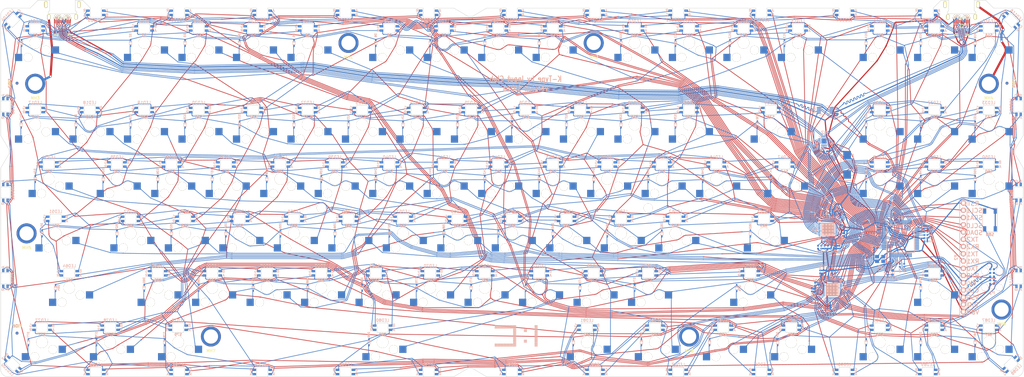
<source format=kicad_pcb>
(kicad_pcb (version 20170919) (host pcbnew "(2017-09-19 revision dddaa7e69)-makepkg")
  (title_block (title K-Type) (date 2017-11-02) (rev 1.01a) (company "Input Club"))
  (layers (0 Front signal) (31 Back signal) (34 B.Paste user) (35 F.Paste user) (36 B.SilkS user) (37 F.SilkS user) (38 B.Mask user) (39 F.Mask user) (44 Edge.Cuts user))
  (net 0 "")
  (net 1 +5V)
  (net 2 VSS)
  (net 3 VDD)
  (net 4 /mcu/MCU_RESET)
  (net 5 "Net-(D1-Pad1)")
  (net 6 "Net-(D2-Pad1)")
  (net 7 "Net-(D3-Pad1)")
  (net 8 "Net-(D4-Pad1)")
  (net 9 "Net-(D5-Pad1)")
  (net 10 "Net-(D6-Pad1)")
  (net 11 "Net-(D7-Pad1)")
  (net 12 "Net-(D8-Pad1)")
  (net 13 "Net-(D9-Pad1)")
  (net 14 "Net-(D10-Pad1)")
  (net 15 "Net-(D11-Pad1)")
  (net 16 "Net-(D12-Pad1)")
  (net 17 "Net-(D13-Pad1)")
  (net 18 "Net-(D14-Pad1)")
  (net 19 "Net-(D15-Pad1)")
  (net 20 "Net-(D16-Pad1)")
  (net 21 "Net-(D17-Pad1)")
  (net 22 "Net-(D18-Pad1)")
  (net 23 "Net-(D19-Pad1)")
  (net 24 "Net-(D20-Pad1)")
  (net 25 "Net-(D21-Pad1)")
  (net 26 "Net-(D22-Pad1)")
  (net 27 "Net-(D23-Pad1)")
  (net 28 "Net-(D24-Pad1)")
  (net 29 "Net-(D25-Pad1)")
  (net 30 "Net-(D26-Pad1)")
  (net 31 "Net-(D27-Pad1)")
  (net 32 "Net-(D28-Pad1)")
  (net 33 "Net-(D29-Pad1)")
  (net 34 "Net-(D30-Pad1)")
  (net 35 "Net-(D31-Pad1)")
  (net 36 "Net-(D32-Pad1)")
  (net 37 "Net-(D33-Pad1)")
  (net 38 "Net-(D34-Pad1)")
  (net 39 "Net-(D35-Pad1)")
  (net 40 "Net-(D36-Pad1)")
  (net 41 "Net-(D37-Pad1)")
  (net 42 "Net-(D38-Pad1)")
  (net 43 "Net-(D39-Pad1)")
  (net 44 "Net-(D40-Pad1)")
  (net 45 "Net-(D41-Pad1)")
  (net 46 "Net-(D42-Pad1)")
  (net 47 "Net-(D43-Pad1)")
  (net 48 "Net-(D44-Pad1)")
  (net 49 "Net-(D45-Pad1)")
  (net 50 "Net-(D46-Pad1)")
  (net 51 "Net-(D47-Pad1)")
  (net 52 "Net-(D48-Pad1)")
  (net 53 "Net-(D49-Pad1)")
  (net 54 "Net-(D50-Pad1)")
  (net 55 "Net-(D51-Pad1)")
  (net 56 "Net-(D52-Pad1)")
  (net 57 "Net-(D53-Pad1)")
  (net 58 "Net-(D54-Pad1)")
  (net 59 "Net-(D55-Pad1)")
  (net 60 "Net-(D56-Pad1)")
  (net 61 "Net-(D57-Pad1)")
  (net 62 "Net-(D58-Pad1)")
  (net 63 "Net-(D59-Pad1)")
  (net 64 "Net-(D60-Pad1)")
  (net 65 "Net-(D61-Pad1)")
  (net 66 "Net-(D62-Pad1)")
  (net 67 "Net-(D63-Pad1)")
  (net 68 "Net-(D64-Pad1)")
  (net 69 "Net-(D65-Pad1)")
  (net 70 "Net-(D66-Pad1)")
  (net 71 "Net-(D67-Pad1)")
  (net 72 "Net-(D68-Pad1)")
  (net 73 "Net-(D69-Pad1)")
  (net 74 "Net-(D70-Pad1)")
  (net 75 "Net-(D71-Pad1)")
  (net 76 "Net-(D72-Pad1)")
  (net 77 "Net-(D73-Pad1)")
  (net 78 "Net-(D74-Pad1)")
  (net 79 "Net-(D75-Pad1)")
  (net 80 "Net-(D76-Pad1)")
  (net 81 "Net-(D77-Pad1)")
  (net 82 "Net-(D78-Pad1)")
  (net 83 "Net-(D79-Pad1)")
  (net 84 "Net-(D80-Pad1)")
  (net 85 "Net-(D81-Pad1)")
  (net 86 "Net-(D82-Pad1)")
  (net 87 "Net-(D83-Pad1)")
  (net 88 "Net-(D84-Pad1)")
  (net 89 "Net-(D85-Pad1)")
  (net 90 "Net-(D86-Pad1)")
  (net 91 "Net-(D87-Pad1)")
  (net 92 /mcu/SHLD)
  (net 93 /mcu/INA+)
  (net 94 /mcu/INA-)
  (net 95 /mcu/D1-)
  (net 96 /mcu/D1+)
  (net 97 /mcu/INB+)
  (net 98 /mcu/INB-)
  (net 99 /mcu/D2-)
  (net 100 /mcu/D2+)
  (net 101 /mcu/PTA5)
  (net 102 /mcu/RX0)
  (net 103 /mcu/TX2)
  (net 104 /mcu/SWD_CLK)
  (net 105 /mcu/TX0)
  (net 106 /mcu/SWD_DIO)
  (net 107 /mcu/RX1)
  (net 108 /mcu/TX1)
  (net 109 /mcu/RX2)
  (net 110 /mcu/SDA0)
  (net 111 /mcu/SCL0)
  (net 112 /mcu/D+)
  (net 113 /mcu/USB_DP)
  (net 114 /mcu/D-)
  (net 115 /mcu/USB_DM)
  (net 116 /mcu/INTB)
  (net 117 /mcu/SDB)
  (net 118 /mcu/PTA12)
  (net 119 /mcu/PTA13)
  (net 120 "Net-(U1-Pad32)")
  (net 121 "Net-(U1-Pad33)")
  (net 122 "Net-(J1-Pad17)")
  (net 123 "Net-(J1-Pad20)")
  (net 124 "Net-(J1-Pad8)")
  (net 125 "Net-(J1-Pad5)")
  (net 126 "Net-(J2-Pad17)")
  (net 127 "Net-(J2-Pad5)")
  (net 128 /mcu/SDA1)
  (net 129 /mcu/SCL1)
  (net 130 "Net-(U1-Pad9)")
  (net 131 "Net-(U1-Pad10)")
  (net 132 "Net-(U1-Pad11)")
  (net 133 "Net-(U1-Pad12)")
  (net 134 "Net-(U1-Pad13)")
  (net 135 "Net-(U1-Pad14)")
  (net 136 "Net-(U1-Pad15)")
  (net 137 "Net-(U1-Pad16)")
  (net 138 "Net-(U1-Pad17)")
  (net 139 "Net-(U1-Pad18)")
  (net 140 "Net-(U1-Pad19)")
  (net 141 "Net-(U1-Pad20)")
  (net 142 /mcu/PTA4)
  (net 143 /Row1)
  (net 144 /Row2)
  (net 145 /Row3)
  (net 146 /Row4)
  (net 147 /Row5)
  (net 148 /Row6)
  (net 149 /Row7)
  (net 150 /Row8)
  (net 151 /Row9)
  (net 152 /Row10)
  (net 153 /Col1)
  (net 154 /Col2)
  (net 155 /Col3)
  (net 156 /Col4)
  (net 157 /Col5)
  (net 158 /Col6)
  (net 159 /Col7)
  (net 160 /Col8)
  (net 161 /Col9)
  (net 162 /Col10)
  (net 163 "Net-(J2-Pad8)")
  (net 164 "Net-(J2-Pad20)")
  (net 165 "Net-(LED120-Pad2)")
  (net 166 /ledmatrix/LD1_SW1)
  (net 167 /ledmatrix/LD1_SW2)
  (net 168 /ledmatrix/LD1_CS1)
  (net 169 /ledmatrix/LD1_SW3)
  (net 170 /ledmatrix/LD1_CS2)
  (net 171 /ledmatrix/LD1_CS3)
  (net 172 /ledmatrix/LD1_CS4)
  (net 173 /ledmatrix/LD1_CS5)
  (net 174 /ledmatrix/LD1_CS6)
  (net 175 /ledmatrix/LD1_CS7)
  (net 176 /ledmatrix/LD1_CS8)
  (net 177 /ledmatrix/LD1_CS9)
  (net 178 /ledmatrix/LD1_CS10)
  (net 179 /ledmatrix/LD1_CS11)
  (net 180 /ledmatrix/LD1_CS12)
  (net 181 /ledmatrix/LD1_CS13)
  (net 182 /ledmatrix/LD1_CS14)
  (net 183 /ledmatrix/LD1_CS15)
  (net 184 /ledmatrix/LD1_CS16)
  (net 185 /ledmatrix/LD1_SW4)
  (net 186 /ledmatrix/LD1_SW5)
  (net 187 /ledmatrix/LD1_SW6)
  (net 188 /ledmatrix/LD1_SW7)
  (net 189 /ledmatrix/LD1_SW8)
  (net 190 /ledmatrix/LD1_SW9)
  (net 191 /ledmatrix/LD1_SW10)
  (net 192 /ledmatrix/LD1_SW11)
  (net 193 /ledmatrix/LD1_SW12)
  (net 194 /ledmatrix/LD2_SW1)
  (net 195 /ledmatrix/LD2_SW2)
  (net 196 /ledmatrix/LD2_CS1)
  (net 197 /ledmatrix/LD2_SW3)
  (net 198 /ledmatrix/LD2_CS2)
  (net 199 /ledmatrix/LD2_CS3)
  (net 200 /ledmatrix/LD2_CS4)
  (net 201 /ledmatrix/LD2_CS5)
  (net 202 /ledmatrix/LD2_CS6)
  (net 203 /ledmatrix/LD2_CS7)
  (net 204 /ledmatrix/LD2_CS8)
  (net 205 /ledmatrix/LD2_CS9)
  (net 206 /ledmatrix/LD2_CS10)
  (net 207 /ledmatrix/LD2_CS11)
  (net 208 /ledmatrix/LD2_CS12)
  (net 209 /ledmatrix/LD2_CS13)
  (net 210 /ledmatrix/LD2_CS14)
  (net 211 /ledmatrix/LD2_CS15)
  (net 212 /ledmatrix/LD2_CS16)
  (net 213 /ledmatrix/LD2_SW4)
  (net 214 /ledmatrix/LD2_SW5)
  (net 215 /ledmatrix/LD2_SW6)
  (net 216 /ledmatrix/LD2_SW9)
  (net 217 /ledmatrix/LD2_SW8)
  (net 218 /ledmatrix/LD2_SW7)
  (net 219 /ledmatrix/LD2_SW12)
  (net 220 /ledmatrix/LD2_SW11)
  (net 221 /ledmatrix/LD2_SW10)
  (net 222 "Net-(S88-Pad1)")
  (net 223 "Net-(R14-Pad1)")
  (net 224 "Net-(R9-Pad1)")
  (net 225 "Net-(R17-Pad1)")
  (net 226 /mcu/SYNC)
  (net 227 "Net-(U5-Pad45)")
  (net 228 "Net-(R15-Pad1)")
  (module lib.pretty:QFN-48-6mm-vias (layer Back) (at 319.913 129.222 180)
    (fp_text reference U5 (at -4.445 -0.127 180) (layer B.SilkS) (effects (font (thickness 0.2)) (justify mirror)))
    (fp_text value IS31FL3733 hide)
    (pad 48 thru_hole rect (at 1.65 1.65 180) (size 1.1 1.1) (drill 0.254) (layers *.Cu B.Paste B.SilkS B.Mask) (net 2 VSS))
    (pad 48 thru_hole rect (at 0.55 1.65 180) (size 1.1 1.1) (drill 0.254) (layers *.Cu B.Paste B.SilkS B.Mask) (net 2 VSS))
    (pad 48 thru_hole rect (at -1.65 1.65 180) (size 1.1 1.1) (drill 0.254) (layers *.Cu B.Paste B.SilkS B.Mask) (net 2 VSS))
    (pad 48 thru_hole rect (at -0.55 1.65 180) (size 1.1 1.1) (drill 0.254) (layers *.Cu B.Paste B.SilkS B.Mask) (net 2 VSS))
    (pad 48 smd rect (at -2.2 2.925 180) (size 0.2 0.75) (layers Back B.Paste B.Mask) (net 2 VSS))
    (pad 47 smd rect (at -1.8 2.925 180) (size 0.2 0.75) (layers Back B.Paste B.Mask) (net 101 /mcu/PTA5))
    (pad 46 smd rect (at -1.4 2.925 180) (size 0.2 0.75) (layers Back B.Paste B.Mask) (net 117 /mcu/SDB))
    (pad 45 smd rect (at -1 2.925 180) (size 0.2 0.75) (layers Back B.Paste B.Mask) (net 227 "Net-(U5-Pad45)"))
    (pad 44 smd rect (at -0.6 2.925 180) (size 0.2 0.75) (layers Back B.Paste B.Mask) (net 2 VSS))
    (pad 43 smd rect (at -0.2 2.925 180) (size 0.2 0.75) (layers Back B.Paste B.Mask) (net 2 VSS))
    (pad 42 smd rect (at 0.2 2.925 180) (size 0.2 0.75) (layers Back B.Paste B.Mask) (net 129 /mcu/SCL1))
    (pad 41 smd rect (at 0.6 2.925 180) (size 0.2 0.75) (layers Back B.Paste B.Mask) (net 128 /mcu/SDA1))
    (pad 40 smd rect (at 1 2.925 180) (size 0.2 0.75) (layers Back B.Paste B.Mask) (net 226 /mcu/SYNC))
    (pad 39 smd rect (at 1.4 2.925 180) (size 0.2 0.75) (layers Back B.Paste B.Mask) (net 3 VDD))
    (pad 38 smd rect (at 1.8 2.925 180) (size 0.2 0.75) (layers Back B.Paste B.Mask) (net 1 +5V))
    (pad 37 smd rect (at 2.2 2.925 180) (size 0.2 0.75) (layers Back B.Paste B.Mask) (net 1 +5V))
    (pad 32 smd rect (at 2.925 0.6 180) (size 0.75 0.2) (layers Back B.Paste B.Mask) (net 211 /ledmatrix/LD2_CS15))
    (pad 31 smd rect (at 2.925 0.2 180) (size 0.75 0.2) (layers Back B.Paste B.Mask) (net 210 /ledmatrix/LD2_CS14))
    (pad 30 smd rect (at 2.925 -0.2 180) (size 0.75 0.2) (layers Back B.Paste B.Mask) (net 209 /ledmatrix/LD2_CS13))
    (pad 29 smd rect (at 2.925 -0.6 180) (size 0.75 0.2) (layers Back B.Paste B.Mask) (net 1 +5V))
    (pad 28 smd rect (at 2.925 -1 180) (size 0.75 0.2) (layers Back B.Paste B.Mask) (net 208 /ledmatrix/LD2_CS12))
    (pad 27 smd rect (at 2.925 -1.4 180) (size 0.75 0.2) (layers Back B.Paste B.Mask) (net 207 /ledmatrix/LD2_CS11))
    (pad 26 smd rect (at 2.925 -1.8 180) (size 0.75 0.2) (layers Back B.Paste B.Mask) (net 206 /ledmatrix/LD2_CS10))
    (pad 25 smd rect (at 2.925 -2.2 180) (size 0.75 0.2) (layers Back B.Paste B.Mask) (net 205 /ledmatrix/LD2_CS9))
    (pad 16 smd rect (at -1 -2.925 180) (size 0.2 0.75) (layers Back B.Paste B.Mask) (net 196 /ledmatrix/LD2_CS1))
    (pad 15 smd rect (at -1.4 -2.925 180) (size 0.2 0.75) (layers Back B.Paste B.Mask) (net 219 /ledmatrix/LD2_SW12))
    (pad 14 smd rect (at -1.8 -2.925 180) (size 0.2 0.75) (layers Back B.Paste B.Mask) (net 220 /ledmatrix/LD2_SW11))
    (pad 13 smd rect (at -2.2 -2.925 180) (size 0.2 0.75) (layers Back B.Paste B.Mask) (net 221 /ledmatrix/LD2_SW10))
    (pad 24 smd rect (at 2.2 -2.925 180) (size 0.2 0.75) (layers Back B.Paste B.Mask) (net 204 /ledmatrix/LD2_CS8))
    (pad 23 smd rect (at 1.8 -2.925 180) (size 0.2 0.75) (layers Back B.Paste B.Mask) (net 203 /ledmatrix/LD2_CS7))
    (pad 22 smd rect (at 1.4 -2.925 180) (size 0.2 0.75) (layers Back B.Paste B.Mask) (net 202 /ledmatrix/LD2_CS6))
    (pad 21 smd rect (at 1 -2.925 180) (size 0.2 0.75) (layers Back B.Paste B.Mask) (net 201 /ledmatrix/LD2_CS5))
    (pad 20 smd rect (at 0.6 -2.925 180) (size 0.2 0.75) (layers Back B.Paste B.Mask) (net 1 +5V))
    (pad 19 smd rect (at 0.2 -2.925 180) (size 0.2 0.75) (layers Back B.Paste B.Mask) (net 200 /ledmatrix/LD2_CS4))
    (pad 18 smd rect (at -0.2 -2.925 180) (size 0.2 0.75) (layers Back B.Paste B.Mask) (net 199 /ledmatrix/LD2_CS3))
    (pad 17 smd rect (at -0.6 -2.925 180) (size 0.2 0.75) (layers Back B.Paste B.Mask) (net 198 /ledmatrix/LD2_CS2))
    (pad 36 smd rect (at 2.925 2.2 180) (size 0.75 0.2) (layers Back B.Paste B.Mask))
    (pad 35 smd rect (at 2.925 1.8 180) (size 0.75 0.2) (layers Back B.Paste B.Mask) (net 225 "Net-(R17-Pad1)"))
    (pad 34 smd rect (at 2.925 1.4 180) (size 0.75 0.2) (layers Back B.Paste B.Mask) (net 2 VSS))
    (pad 33 smd rect (at 2.925 1 180) (size 0.75 0.2) (layers Back B.Paste B.Mask) (net 212 /ledmatrix/LD2_CS16))
    (pad 12 smd rect (at -2.925 -2.2 180) (size 0.75 0.2) (layers Back B.Paste B.Mask) (net 2 VSS))
    (pad 11 smd rect (at -2.925 -1.8 180) (size 0.75 0.2) (layers Back B.Paste B.Mask) (net 216 /ledmatrix/LD2_SW9))
    (pad 10 smd rect (at -2.925 -1.4 180) (size 0.75 0.2) (layers Back B.Paste B.Mask) (net 217 /ledmatrix/LD2_SW8))
    (pad 9 smd rect (at -2.925 -1 180) (size 0.75 0.2) (layers Back B.Paste B.Mask) (net 218 /ledmatrix/LD2_SW7))
    (pad 8 smd rect (at -2.925 -0.6 180) (size 0.75 0.2) (layers Back B.Paste B.Mask) (net 215 /ledmatrix/LD2_SW6))
    (pad 7 smd rect (at -2.925 -0.2 180) (size 0.75 0.2) (layers Back B.Paste B.Mask) (net 214 /ledmatrix/LD2_SW5))
    (pad 6 smd rect (at -2.925 0.2 180) (size 0.75 0.2) (layers Back B.Paste B.Mask) (net 213 /ledmatrix/LD2_SW4))
    (pad 5 smd rect (at -2.925 0.6 180) (size 0.75 0.2) (layers Back B.Paste B.Mask) (net 2 VSS))
    (pad 4 smd rect (at -2.925 1 180) (size 0.75 0.2) (layers Back B.Paste B.Mask) (net 197 /ledmatrix/LD2_SW3))
    (pad 3 smd rect (at -2.925 1.4 180) (size 0.75 0.2) (layers Back B.Paste B.Mask) (net 195 /ledmatrix/LD2_SW2))
    (pad 2 smd rect (at -2.925 1.8 180) (size 0.75 0.2) (layers Back B.Paste B.Mask) (net 194 /ledmatrix/LD2_SW1))
    (pad 1 smd rect (at -2.925 2.2 180) (size 0.75 0.2) (layers Back B.Paste B.Mask))
    (pad 48 thru_hole rect (at -0.55 0.55 180) (size 1.1 1.1) (drill 0.254) (layers *.Cu B.Paste B.SilkS B.Mask) (net 2 VSS))
    (pad 48 thru_hole rect (at -1.65 0.55 180) (size 1.1 1.1) (drill 0.254) (layers *.Cu B.Paste B.SilkS B.Mask) (net 2 VSS))
    (pad 48 thru_hole rect (at 0.55 0.55 180) (size 1.1 1.1) (drill 0.254) (layers *.Cu B.Paste B.SilkS B.Mask) (net 2 VSS))
    (pad 48 thru_hole rect (at 1.65 0.55 180) (size 1.1 1.1) (drill 0.254) (layers *.Cu B.Paste B.SilkS B.Mask) (net 2 VSS))
    (pad 48 thru_hole rect (at 1.65 -1.65 180) (size 1.1 1.1) (drill 0.254) (layers *.Cu B.Paste B.SilkS B.Mask) (net 2 VSS))
    (pad 48 thru_hole rect (at 0.55 -1.65 180) (size 1.1 1.1) (drill 0.254) (layers *.Cu B.Paste B.SilkS B.Mask) (net 2 VSS))
    (pad 48 thru_hole rect (at -1.65 -1.65 180) (size 1.1 1.1) (drill 0.254) (layers *.Cu B.Paste B.SilkS B.Mask) (net 2 VSS))
    (pad 48 thru_hole rect (at -0.55 -1.65 180) (size 1.1 1.1) (drill 0.254) (layers *.Cu B.Paste B.SilkS B.Mask) (net 2 VSS))
    (pad 48 thru_hole rect (at -0.55 -0.55 180) (size 1.1 1.1) (drill 0.254) (layers *.Cu B.Paste B.SilkS B.Mask) (net 2 VSS))
    (pad 48 thru_hole rect (at -1.65 -0.55 180) (size 1.1 1.1) (drill 0.254) (layers *.Cu B.Paste B.SilkS B.Mask) (net 2 VSS))
    (pad 48 thru_hole rect (at 0.55 -0.55 180) (size 1.1 1.1) (drill 0.254) (layers *.Cu B.Paste B.SilkS B.Mask) (net 2 VSS))
    (pad 48 thru_hole rect (at 1.65 -0.55 180) (size 1.1 1.1) (drill 0.254) (layers *.Cu B.Paste B.SilkS B.Mask) (net 2 VSS))
  )
  (module lib.pretty:QFN-48-6mm-vias (layer Back) (at 318.389 108.14)
    (fp_text reference U4 (at -4.572 0) (layer B.SilkS) (effects (font (thickness 0.2)) (justify mirror)))
    (fp_text value IS31FL3733 hide)
    (pad 48 thru_hole rect (at 1.65 1.65) (size 1.1 1.1) (drill 0.254) (layers *.Cu B.Paste B.SilkS B.Mask) (net 2 VSS))
    (pad 48 thru_hole rect (at 0.55 1.65) (size 1.1 1.1) (drill 0.254) (layers *.Cu B.Paste B.SilkS B.Mask) (net 2 VSS))
    (pad 48 thru_hole rect (at -1.65 1.65) (size 1.1 1.1) (drill 0.254) (layers *.Cu B.Paste B.SilkS B.Mask) (net 2 VSS))
    (pad 48 thru_hole rect (at -0.55 1.65) (size 1.1 1.1) (drill 0.254) (layers *.Cu B.Paste B.SilkS B.Mask) (net 2 VSS))
    (pad 48 smd rect (at -2.2 2.925) (size 0.2 0.75) (layers Back B.Paste B.Mask) (net 2 VSS))
    (pad 47 smd rect (at -1.8 2.925) (size 0.2 0.75) (layers Back B.Paste B.Mask) (net 101 /mcu/PTA5))
    (pad 46 smd rect (at -1.4 2.925) (size 0.2 0.75) (layers Back B.Paste B.Mask) (net 117 /mcu/SDB))
    (pad 45 smd rect (at -1 2.925) (size 0.2 0.75) (layers Back B.Paste B.Mask) (net 116 /mcu/INTB))
    (pad 44 smd rect (at -0.6 2.925) (size 0.2 0.75) (layers Back B.Paste B.Mask) (net 2 VSS))
    (pad 43 smd rect (at -0.2 2.925) (size 0.2 0.75) (layers Back B.Paste B.Mask) (net 2 VSS))
    (pad 42 smd rect (at 0.2 2.925) (size 0.2 0.75) (layers Back B.Paste B.Mask) (net 111 /mcu/SCL0))
    (pad 41 smd rect (at 0.6 2.925) (size 0.2 0.75) (layers Back B.Paste B.Mask) (net 110 /mcu/SDA0))
    (pad 40 smd rect (at 1 2.925) (size 0.2 0.75) (layers Back B.Paste B.Mask) (net 226 /mcu/SYNC))
    (pad 39 smd rect (at 1.4 2.925) (size 0.2 0.75) (layers Back B.Paste B.Mask) (net 3 VDD))
    (pad 38 smd rect (at 1.8 2.925) (size 0.2 0.75) (layers Back B.Paste B.Mask) (net 1 +5V))
    (pad 37 smd rect (at 2.2 2.925) (size 0.2 0.75) (layers Back B.Paste B.Mask) (net 1 +5V))
    (pad 32 smd rect (at 2.925 0.6) (size 0.75 0.2) (layers Back B.Paste B.Mask) (net 183 /ledmatrix/LD1_CS15))
    (pad 31 smd rect (at 2.925 0.2) (size 0.75 0.2) (layers Back B.Paste B.Mask) (net 182 /ledmatrix/LD1_CS14))
    (pad 30 smd rect (at 2.925 -0.2) (size 0.75 0.2) (layers Back B.Paste B.Mask) (net 181 /ledmatrix/LD1_CS13))
    (pad 29 smd rect (at 2.925 -0.6) (size 0.75 0.2) (layers Back B.Paste B.Mask) (net 1 +5V))
    (pad 28 smd rect (at 2.925 -1) (size 0.75 0.2) (layers Back B.Paste B.Mask) (net 180 /ledmatrix/LD1_CS12))
    (pad 27 smd rect (at 2.925 -1.4) (size 0.75 0.2) (layers Back B.Paste B.Mask) (net 179 /ledmatrix/LD1_CS11))
    (pad 26 smd rect (at 2.925 -1.8) (size 0.75 0.2) (layers Back B.Paste B.Mask) (net 178 /ledmatrix/LD1_CS10))
    (pad 25 smd rect (at 2.925 -2.2) (size 0.75 0.2) (layers Back B.Paste B.Mask) (net 177 /ledmatrix/LD1_CS9))
    (pad 16 smd rect (at -1 -2.925) (size 0.2 0.75) (layers Back B.Paste B.Mask) (net 168 /ledmatrix/LD1_CS1))
    (pad 15 smd rect (at -1.4 -2.925) (size 0.2 0.75) (layers Back B.Paste B.Mask) (net 193 /ledmatrix/LD1_SW12))
    (pad 14 smd rect (at -1.8 -2.925) (size 0.2 0.75) (layers Back B.Paste B.Mask) (net 192 /ledmatrix/LD1_SW11))
    (pad 13 smd rect (at -2.2 -2.925) (size 0.2 0.75) (layers Back B.Paste B.Mask) (net 191 /ledmatrix/LD1_SW10))
    (pad 24 smd rect (at 2.2 -2.925) (size 0.2 0.75) (layers Back B.Paste B.Mask) (net 176 /ledmatrix/LD1_CS8))
    (pad 23 smd rect (at 1.8 -2.925) (size 0.2 0.75) (layers Back B.Paste B.Mask) (net 175 /ledmatrix/LD1_CS7))
    (pad 22 smd rect (at 1.4 -2.925) (size 0.2 0.75) (layers Back B.Paste B.Mask) (net 174 /ledmatrix/LD1_CS6))
    (pad 21 smd rect (at 1 -2.925) (size 0.2 0.75) (layers Back B.Paste B.Mask) (net 173 /ledmatrix/LD1_CS5))
    (pad 20 smd rect (at 0.6 -2.925) (size 0.2 0.75) (layers Back B.Paste B.Mask) (net 1 +5V))
    (pad 19 smd rect (at 0.2 -2.925) (size 0.2 0.75) (layers Back B.Paste B.Mask) (net 172 /ledmatrix/LD1_CS4))
    (pad 18 smd rect (at -0.2 -2.925) (size 0.2 0.75) (layers Back B.Paste B.Mask) (net 171 /ledmatrix/LD1_CS3))
    (pad 17 smd rect (at -0.6 -2.925) (size 0.2 0.75) (layers Back B.Paste B.Mask) (net 170 /ledmatrix/LD1_CS2))
    (pad 36 smd rect (at 2.925 2.2) (size 0.75 0.2) (layers Back B.Paste B.Mask))
    (pad 35 smd rect (at 2.925 1.8) (size 0.75 0.2) (layers Back B.Paste B.Mask) (net 224 "Net-(R9-Pad1)"))
    (pad 34 smd rect (at 2.925 1.4) (size 0.75 0.2) (layers Back B.Paste B.Mask) (net 2 VSS))
    (pad 33 smd rect (at 2.925 1) (size 0.75 0.2) (layers Back B.Paste B.Mask) (net 184 /ledmatrix/LD1_CS16))
    (pad 12 smd rect (at -2.925 -2.2) (size 0.75 0.2) (layers Back B.Paste B.Mask) (net 2 VSS))
    (pad 11 smd rect (at -2.925 -1.8) (size 0.75 0.2) (layers Back B.Paste B.Mask) (net 190 /ledmatrix/LD1_SW9))
    (pad 10 smd rect (at -2.925 -1.4) (size 0.75 0.2) (layers Back B.Paste B.Mask) (net 189 /ledmatrix/LD1_SW8))
    (pad 9 smd rect (at -2.925 -1) (size 0.75 0.2) (layers Back B.Paste B.Mask) (net 188 /ledmatrix/LD1_SW7))
    (pad 8 smd rect (at -2.925 -0.6) (size 0.75 0.2) (layers Back B.Paste B.Mask) (net 187 /ledmatrix/LD1_SW6))
    (pad 7 smd rect (at -2.925 -0.2) (size 0.75 0.2) (layers Back B.Paste B.Mask) (net 186 /ledmatrix/LD1_SW5))
    (pad 6 smd rect (at -2.925 0.2) (size 0.75 0.2) (layers Back B.Paste B.Mask) (net 185 /ledmatrix/LD1_SW4))
    (pad 5 smd rect (at -2.925 0.6) (size 0.75 0.2) (layers Back B.Paste B.Mask) (net 2 VSS))
    (pad 4 smd rect (at -2.925 1) (size 0.75 0.2) (layers Back B.Paste B.Mask) (net 169 /ledmatrix/LD1_SW3))
    (pad 3 smd rect (at -2.925 1.4) (size 0.75 0.2) (layers Back B.Paste B.Mask) (net 167 /ledmatrix/LD1_SW2))
    (pad 2 smd rect (at -2.925 1.8) (size 0.75 0.2) (layers Back B.Paste B.Mask) (net 166 /ledmatrix/LD1_SW1))
    (pad 1 smd rect (at -2.925 2.2) (size 0.75 0.2) (layers Back B.Paste B.Mask))
    (pad 48 thru_hole rect (at -0.55 0.55) (size 1.1 1.1) (drill 0.254) (layers *.Cu B.Paste B.SilkS B.Mask) (net 2 VSS))
    (pad 48 thru_hole rect (at -1.65 0.55) (size 1.1 1.1) (drill 0.254) (layers *.Cu B.Paste B.SilkS B.Mask) (net 2 VSS))
    (pad 48 thru_hole rect (at 0.55 0.55) (size 1.1 1.1) (drill 0.254) (layers *.Cu B.Paste B.SilkS B.Mask) (net 2 VSS))
    (pad 48 thru_hole rect (at 1.65 0.55) (size 1.1 1.1) (drill 0.254) (layers *.Cu B.Paste B.SilkS B.Mask) (net 2 VSS))
    (pad 48 thru_hole rect (at 1.65 -1.65) (size 1.1 1.1) (drill 0.254) (layers *.Cu B.Paste B.SilkS B.Mask) (net 2 VSS))
    (pad 48 thru_hole rect (at 0.55 -1.65) (size 1.1 1.1) (drill 0.254) (layers *.Cu B.Paste B.SilkS B.Mask) (net 2 VSS))
    (pad 48 thru_hole rect (at -1.65 -1.65) (size 1.1 1.1) (drill 0.254) (layers *.Cu B.Paste B.SilkS B.Mask) (net 2 VSS))
    (pad 48 thru_hole rect (at -0.55 -1.65) (size 1.1 1.1) (drill 0.254) (layers *.Cu B.Paste B.SilkS B.Mask) (net 2 VSS))
    (pad 48 thru_hole rect (at -0.55 -0.55) (size 1.1 1.1) (drill 0.254) (layers *.Cu B.Paste B.SilkS B.Mask) (net 2 VSS))
    (pad 48 thru_hole rect (at -1.65 -0.55) (size 1.1 1.1) (drill 0.254) (layers *.Cu B.Paste B.SilkS B.Mask) (net 2 VSS))
    (pad 48 thru_hole rect (at 0.55 -0.55) (size 1.1 1.1) (drill 0.254) (layers *.Cu B.Paste B.SilkS B.Mask) (net 2 VSS))
    (pad 48 thru_hole rect (at 1.65 -0.55) (size 1.1 1.1) (drill 0.254) (layers *.Cu B.Paste B.SilkS B.Mask) (net 2 VSS))
  )
  (module lib.pretty:SW_SOCKET_COMBINED_T (layer Front) (at 355.6 42.8625 180)
    (fp_text reference S15 (at 0 2.667 180) (layer B.SilkS) (effects (font (size 0.9 0.9) (thickness 0.2)) (justify mirror)))
    (fp_text value SW hide)
    (pad 2 smd rect (at 5.815 -5.08 180) (size 2.54 2.54) (layers Back B.Paste B.Mask) (net 19 "Net-(D15-Pad1)"))
    (pad 1 smd rect (at -7.085 -2.4765 180) (size 2.54 2.54) (layers Back B.Paste B.Mask) (net 157 /Col5))
    (pad "" np_thru_hole circle (at 2.54 -5.08 180) (size 3.048254 3.048254) (drill 3.048) (layers *.Cu *.Mask F.SilkS) (clearance 0.1397))
    (pad "" np_thru_hole circle (at -3.81 -2.54 180) (size 3.048254 3.048254) (drill 3.048) (layers *.Cu *.Mask F.SilkS) (clearance 0.1397))
    (pad "" np_thru_hole circle (at 0 0 180) (size 3.987825 3.987825) (drill 3.9878) (layers *.Cu *.Mask F.SilkS) (clearance 0.1397))
  )
  (module lib.pretty:SW_SOCKET_COMBINED_T (layer Front) (at 303.212 90.4875 180)
    (fp_text reference S47 (at 0 2.667 180) (layer B.SilkS) (effects (font (size 0.9 0.9) (thickness 0.2)) (justify mirror)))
    (fp_text value SW hide)
    (pad 2 smd rect (at 5.815 -5.08 180) (size 2.54 2.54) (layers Back B.Paste B.Mask) (net 51 "Net-(D47-Pad1)"))
    (pad 1 smd rect (at -7.085 -2.4765 180) (size 2.54 2.54) (layers Back B.Paste B.Mask) (net 161 /Col9))
    (pad "" np_thru_hole circle (at 2.54 -5.08 180) (size 3.048254 3.048254) (drill 3.048) (layers *.Cu *.Mask F.SilkS) (clearance 0.1397))
    (pad "" np_thru_hole circle (at -3.81 -2.54 180) (size 3.048254 3.048254) (drill 3.048) (layers *.Cu *.Mask F.SilkS) (clearance 0.1397))
    (pad "" np_thru_hole circle (at 0 0 180) (size 3.987825 3.987825) (drill 3.9878) (layers *.Cu *.Mask F.SilkS) (clearance 0.1397))
  )
  (module lib.pretty:SW_SOCKET_COMBINED_T (layer Front) (at 46.0375 90.4875 180)
    (fp_text reference S34 (at 0 2.667 180) (layer B.SilkS) (effects (font (size 0.9 0.9) (thickness 0.2)) (justify mirror)))
    (fp_text value SW hide)
    (pad 2 smd rect (at 5.815 -5.08 180) (size 2.54 2.54) (layers Back B.Paste B.Mask) (net 38 "Net-(D34-Pad1)"))
    (pad 1 smd rect (at -7.085 -2.4765 180) (size 2.54 2.54) (layers Back B.Paste B.Mask) (net 158 /Col6))
    (pad "" np_thru_hole circle (at 2.54 -5.08 180) (size 3.048254 3.048254) (drill 3.048) (layers *.Cu *.Mask F.SilkS) (clearance 0.1397))
    (pad "" np_thru_hole circle (at -3.81 -2.54 180) (size 3.048254 3.048254) (drill 3.048) (layers *.Cu *.Mask F.SilkS) (clearance 0.1397))
    (pad "" np_thru_hole circle (at 0 0 180) (size 3.987825 3.987825) (drill 3.9878) (layers *.Cu *.Mask F.SilkS) (clearance 0.1397))
  )
  (module lib.pretty:SW_SOCKET_COMBINED_T (layer Front) (at 53.1812 128.588 180)
    (fp_text reference S64 (at 0 2.667 180) (layer B.SilkS) (effects (font (size 0.9 0.9) (thickness 0.2)) (justify mirror)))
    (fp_text value SW hide)
    (pad 2 smd rect (at 5.815 -5.08 180) (size 2.54 2.54) (layers Back B.Paste B.Mask) (net 68 "Net-(D64-Pad1)"))
    (pad 1 smd rect (at -7.085 -2.4765 180) (size 2.54 2.54) (layers Back B.Paste B.Mask) (net 161 /Col9))
    (pad "" np_thru_hole circle (at 2.54 -5.08 180) (size 3.048254 3.048254) (drill 3.048) (layers *.Cu *.Mask F.SilkS) (clearance 0.1397))
    (pad "" np_thru_hole circle (at -3.81 -2.54 180) (size 3.048254 3.048254) (drill 3.048) (layers *.Cu *.Mask F.SilkS) (clearance 0.1397))
    (pad "" np_thru_hole circle (at 0 0 180) (size 3.987825 3.987825) (drill 3.9878) (layers *.Cu *.Mask F.SilkS) (clearance 0.1397))
  )
  (module lib.pretty:SW_SOCKET_COMBINED_T (layer Front) (at 296.069 109.538 180)
    (fp_text reference S63 (at 0 2.667 180) (layer B.SilkS) (effects (font (size 0.9 0.9) (thickness 0.2)) (justify mirror)))
    (fp_text value SW hide)
    (pad 2 smd rect (at 5.815 -5.08 180) (size 2.54 2.54) (layers Back B.Paste B.Mask) (net 67 "Net-(D63-Pad1)"))
    (pad 1 smd rect (at -7.085 -2.4765 180) (size 2.54 2.54) (layers Back B.Paste B.Mask) (net 159 /Col7))
    (pad "" np_thru_hole circle (at 2.54 -5.08 180) (size 3.048254 3.048254) (drill 3.048) (layers *.Cu *.Mask F.SilkS) (clearance 0.1397))
    (pad "" np_thru_hole circle (at -3.81 -2.54 180) (size 3.048254 3.048254) (drill 3.048) (layers *.Cu *.Mask F.SilkS) (clearance 0.1397))
    (pad "" np_thru_hole circle (at 0 0 180) (size 3.987825 3.987825) (drill 3.9878) (layers *.Cu *.Mask F.SilkS) (clearance 0.1397))
  )
  (module lib.pretty:SW_SOCKET_COMBINED_T (layer Front) (at 48.4188 109.538 180)
    (fp_text reference S51 (at 0 2.667 180) (layer B.SilkS) (effects (font (size 0.9 0.9) (thickness 0.2)) (justify mirror)))
    (fp_text value SW hide)
    (pad 2 smd rect (at 5.815 -5.08 180) (size 2.54 2.54) (layers Back B.Paste B.Mask) (net 55 "Net-(D51-Pad1)"))
    (pad 1 smd rect (at -7.085 -2.4765 180) (size 2.54 2.54) (layers Back B.Paste B.Mask) (net 156 /Col4))
    (pad "" np_thru_hole circle (at 2.54 -5.08 180) (size 3.048254 3.048254) (drill 3.048) (layers *.Cu *.Mask F.SilkS) (clearance 0.1397))
    (pad "" np_thru_hole circle (at -3.81 -2.54 180) (size 3.048254 3.048254) (drill 3.048) (layers *.Cu *.Mask F.SilkS) (clearance 0.1397))
    (pad "" np_thru_hole circle (at 0 0 180) (size 3.987825 3.987825) (drill 3.9878) (layers *.Cu *.Mask F.SilkS) (clearance 0.1397))
  )
  (module lib.pretty:SW_SOCKET_COMBINED_T (layer Front) (at 41.275 71.4375 180)
    (fp_text reference S17 (at 0 2.667 180) (layer B.SilkS) (effects (font (size 0.9 0.9) (thickness 0.2)) (justify mirror)))
    (fp_text value SW hide)
    (pad 2 smd rect (at 5.815 -5.08 180) (size 2.54 2.54) (layers Back B.Paste B.Mask) (net 21 "Net-(D17-Pad1)"))
    (pad 1 smd rect (at -7.085 -2.4765 180) (size 2.54 2.54) (layers Back B.Paste B.Mask) (net 159 /Col7))
    (pad "" np_thru_hole circle (at 2.54 -5.08 180) (size 3.048254 3.048254) (drill 3.048) (layers *.Cu *.Mask F.SilkS) (clearance 0.1397))
    (pad "" np_thru_hole circle (at -3.81 -2.54 180) (size 3.048254 3.048254) (drill 3.048) (layers *.Cu *.Mask F.SilkS) (clearance 0.1397))
    (pad "" np_thru_hole circle (at 0 0 180) (size 3.987825 3.987825) (drill 3.9878) (layers *.Cu *.Mask F.SilkS) (clearance 0.1397))
  )
  (module lib.pretty:SW_SOCKET_COMBINED_T (layer Front) (at 60.325 71.4375 180)
    (fp_text reference S18 (at 0 2.667 180) (layer B.SilkS) (effects (font (size 0.9 0.9) (thickness 0.2)) (justify mirror)))
    (fp_text value SW hide)
    (pad 2 smd rect (at 5.815 -5.08 180) (size 2.54 2.54) (layers Back B.Paste B.Mask) (net 22 "Net-(D18-Pad1)"))
    (pad 1 smd rect (at -7.085 -2.4765 180) (size 2.54 2.54) (layers Back B.Paste B.Mask) (net 160 /Col8))
    (pad "" np_thru_hole circle (at 2.54 -5.08 180) (size 3.048254 3.048254) (drill 3.048) (layers *.Cu *.Mask F.SilkS) (clearance 0.1397))
    (pad "" np_thru_hole circle (at -3.81 -2.54 180) (size 3.048254 3.048254) (drill 3.048) (layers *.Cu *.Mask F.SilkS) (clearance 0.1397))
    (pad "" np_thru_hole circle (at 0 0 180) (size 3.987825 3.987825) (drill 3.9878) (layers *.Cu *.Mask F.SilkS) (clearance 0.1397))
  )
  (module lib.pretty:SW_SOCKET_COMBINED_T (layer Front) (at 79.375 71.4375 180)
    (fp_text reference S19 (at 0 2.667 180) (layer B.SilkS) (effects (font (size 0.9 0.9) (thickness 0.2)) (justify mirror)))
    (fp_text value SW hide)
    (pad 2 smd rect (at 5.815 -5.08 180) (size 2.54 2.54) (layers Back B.Paste B.Mask) (net 23 "Net-(D19-Pad1)"))
    (pad 1 smd rect (at -7.085 -2.4765 180) (size 2.54 2.54) (layers Back B.Paste B.Mask) (net 161 /Col9))
    (pad "" np_thru_hole circle (at 2.54 -5.08 180) (size 3.048254 3.048254) (drill 3.048) (layers *.Cu *.Mask F.SilkS) (clearance 0.1397))
    (pad "" np_thru_hole circle (at -3.81 -2.54 180) (size 3.048254 3.048254) (drill 3.048) (layers *.Cu *.Mask F.SilkS) (clearance 0.1397))
    (pad "" np_thru_hole circle (at 0 0 180) (size 3.987825 3.987825) (drill 3.9878) (layers *.Cu *.Mask F.SilkS) (clearance 0.1397))
  )
  (module lib.pretty:SW_SOCKET_COMBINED_T (layer Front) (at 98.425 71.4375 180)
    (fp_text reference S20 (at 0 2.667 180) (layer B.SilkS) (effects (font (size 0.9 0.9) (thickness 0.2)) (justify mirror)))
    (fp_text value SW hide)
    (pad 2 smd rect (at 5.815 -5.08 180) (size 2.54 2.54) (layers Back B.Paste B.Mask) (net 24 "Net-(D20-Pad1)"))
    (pad 1 smd rect (at -7.085 -2.4765 180) (size 2.54 2.54) (layers Back B.Paste B.Mask) (net 162 /Col10))
    (pad "" np_thru_hole circle (at 2.54 -5.08 180) (size 3.048254 3.048254) (drill 3.048) (layers *.Cu *.Mask F.SilkS) (clearance 0.1397))
    (pad "" np_thru_hole circle (at -3.81 -2.54 180) (size 3.048254 3.048254) (drill 3.048) (layers *.Cu *.Mask F.SilkS) (clearance 0.1397))
    (pad "" np_thru_hole circle (at 0 0 180) (size 3.987825 3.987825) (drill 3.9878) (layers *.Cu *.Mask F.SilkS) (clearance 0.1397))
  )
  (module lib.pretty:SW_SOCKET_COMBINED_T (layer Front) (at 117.475 71.4375 180)
    (fp_text reference S21 (at 0 2.667 180) (layer B.SilkS) (effects (font (size 0.9 0.9) (thickness 0.2)) (justify mirror)))
    (fp_text value SW hide)
    (pad 2 smd rect (at 5.815 -5.08 180) (size 2.54 2.54) (layers Back B.Paste B.Mask) (net 25 "Net-(D21-Pad1)"))
    (pad 1 smd rect (at -7.085 -2.4765 180) (size 2.54 2.54) (layers Back B.Paste B.Mask) (net 153 /Col1))
    (pad "" np_thru_hole circle (at 2.54 -5.08 180) (size 3.048254 3.048254) (drill 3.048) (layers *.Cu *.Mask F.SilkS) (clearance 0.1397))
    (pad "" np_thru_hole circle (at -3.81 -2.54 180) (size 3.048254 3.048254) (drill 3.048) (layers *.Cu *.Mask F.SilkS) (clearance 0.1397))
    (pad "" np_thru_hole circle (at 0 0 180) (size 3.987825 3.987825) (drill 3.9878) (layers *.Cu *.Mask F.SilkS) (clearance 0.1397))
  )
  (module lib.pretty:SW_SOCKET_COMBINED_T (layer Front) (at 136.525 71.4375 180)
    (fp_text reference S22 (at 0 2.667 180) (layer B.SilkS) (effects (font (size 0.9 0.9) (thickness 0.2)) (justify mirror)))
    (fp_text value SW hide)
    (pad 2 smd rect (at 5.815 -5.08 180) (size 2.54 2.54) (layers Back B.Paste B.Mask) (net 26 "Net-(D22-Pad1)"))
    (pad 1 smd rect (at -7.085 -2.4765 180) (size 2.54 2.54) (layers Back B.Paste B.Mask) (net 154 /Col2))
    (pad "" np_thru_hole circle (at 2.54 -5.08 180) (size 3.048254 3.048254) (drill 3.048) (layers *.Cu *.Mask F.SilkS) (clearance 0.1397))
    (pad "" np_thru_hole circle (at -3.81 -2.54 180) (size 3.048254 3.048254) (drill 3.048) (layers *.Cu *.Mask F.SilkS) (clearance 0.1397))
    (pad "" np_thru_hole circle (at 0 0 180) (size 3.987825 3.987825) (drill 3.9878) (layers *.Cu *.Mask F.SilkS) (clearance 0.1397))
  )
  (module lib.pretty:SW_SOCKET_COMBINED_T (layer Front) (at 155.575 71.4375 180)
    (fp_text reference S23 (at 0 2.667 180) (layer B.SilkS) (effects (font (size 0.9 0.9) (thickness 0.2)) (justify mirror)))
    (fp_text value SW hide)
    (pad 2 smd rect (at 5.815 -5.08 180) (size 2.54 2.54) (layers Back B.Paste B.Mask) (net 27 "Net-(D23-Pad1)"))
    (pad 1 smd rect (at -7.085 -2.4765 180) (size 2.54 2.54) (layers Back B.Paste B.Mask) (net 155 /Col3))
    (pad "" np_thru_hole circle (at 2.54 -5.08 180) (size 3.048254 3.048254) (drill 3.048) (layers *.Cu *.Mask F.SilkS) (clearance 0.1397))
    (pad "" np_thru_hole circle (at -3.81 -2.54 180) (size 3.048254 3.048254) (drill 3.048) (layers *.Cu *.Mask F.SilkS) (clearance 0.1397))
    (pad "" np_thru_hole circle (at 0 0 180) (size 3.987825 3.987825) (drill 3.9878) (layers *.Cu *.Mask F.SilkS) (clearance 0.1397))
  )
  (module lib.pretty:SW_SOCKET_COMBINED_T (layer Front) (at 174.625 71.4375 180)
    (fp_text reference S24 (at 0 2.667 180) (layer B.SilkS) (effects (font (size 0.9 0.9) (thickness 0.2)) (justify mirror)))
    (fp_text value SW hide)
    (pad 2 smd rect (at 5.815 -5.08 180) (size 2.54 2.54) (layers Back B.Paste B.Mask) (net 28 "Net-(D24-Pad1)"))
    (pad 1 smd rect (at -7.085 -2.4765 180) (size 2.54 2.54) (layers Back B.Paste B.Mask) (net 156 /Col4))
    (pad "" np_thru_hole circle (at 2.54 -5.08 180) (size 3.048254 3.048254) (drill 3.048) (layers *.Cu *.Mask F.SilkS) (clearance 0.1397))
    (pad "" np_thru_hole circle (at -3.81 -2.54 180) (size 3.048254 3.048254) (drill 3.048) (layers *.Cu *.Mask F.SilkS) (clearance 0.1397))
    (pad "" np_thru_hole circle (at 0 0 180) (size 3.987825 3.987825) (drill 3.9878) (layers *.Cu *.Mask F.SilkS) (clearance 0.1397))
  )
  (module lib.pretty:SW_SOCKET_COMBINED_T (layer Front) (at 193.675 71.4375 180)
    (fp_text reference S25 (at 0 2.667 180) (layer B.SilkS) (effects (font (size 0.9 0.9) (thickness 0.2)) (justify mirror)))
    (fp_text value SW hide)
    (pad 2 smd rect (at 5.815 -5.08 180) (size 2.54 2.54) (layers Back B.Paste B.Mask) (net 29 "Net-(D25-Pad1)"))
    (pad 1 smd rect (at -7.085 -2.4765 180) (size 2.54 2.54) (layers Back B.Paste B.Mask) (net 157 /Col5))
    (pad "" np_thru_hole circle (at 2.54 -5.08 180) (size 3.048254 3.048254) (drill 3.048) (layers *.Cu *.Mask F.SilkS) (clearance 0.1397))
    (pad "" np_thru_hole circle (at -3.81 -2.54 180) (size 3.048254 3.048254) (drill 3.048) (layers *.Cu *.Mask F.SilkS) (clearance 0.1397))
    (pad "" np_thru_hole circle (at 0 0 180) (size 3.987825 3.987825) (drill 3.9878) (layers *.Cu *.Mask F.SilkS) (clearance 0.1397))
  )
  (module lib.pretty:SW_SOCKET_COMBINED_T (layer Front) (at 212.725 71.4375 180)
    (fp_text reference S26 (at 0 2.667 180) (layer B.SilkS) (effects (font (size 0.9 0.9) (thickness 0.2)) (justify mirror)))
    (fp_text value SW hide)
    (pad 2 smd rect (at 5.815 -5.08 180) (size 2.54 2.54) (layers Back B.Paste B.Mask) (net 30 "Net-(D26-Pad1)"))
    (pad 1 smd rect (at -7.085 -2.4765 180) (size 2.54 2.54) (layers Back B.Paste B.Mask) (net 158 /Col6))
    (pad "" np_thru_hole circle (at 2.54 -5.08 180) (size 3.048254 3.048254) (drill 3.048) (layers *.Cu *.Mask F.SilkS) (clearance 0.1397))
    (pad "" np_thru_hole circle (at -3.81 -2.54 180) (size 3.048254 3.048254) (drill 3.048) (layers *.Cu *.Mask F.SilkS) (clearance 0.1397))
    (pad "" np_thru_hole circle (at 0 0 180) (size 3.987825 3.987825) (drill 3.9878) (layers *.Cu *.Mask F.SilkS) (clearance 0.1397))
  )
  (module lib.pretty:SW_SOCKET_COMBINED_T (layer Front) (at 231.775 71.4375 180)
    (fp_text reference S27 (at 0 2.667 180) (layer B.SilkS) (effects (font (size 0.9 0.9) (thickness 0.2)) (justify mirror)))
    (fp_text value SW hide)
    (pad 2 smd rect (at 5.815 -5.08 180) (size 2.54 2.54) (layers Back B.Paste B.Mask) (net 31 "Net-(D27-Pad1)"))
    (pad 1 smd rect (at -7.085 -2.4765 180) (size 2.54 2.54) (layers Back B.Paste B.Mask) (net 159 /Col7))
    (pad "" np_thru_hole circle (at 2.54 -5.08 180) (size 3.048254 3.048254) (drill 3.048) (layers *.Cu *.Mask F.SilkS) (clearance 0.1397))
    (pad "" np_thru_hole circle (at -3.81 -2.54 180) (size 3.048254 3.048254) (drill 3.048) (layers *.Cu *.Mask F.SilkS) (clearance 0.1397))
    (pad "" np_thru_hole circle (at 0 0 180) (size 3.987825 3.987825) (drill 3.9878) (layers *.Cu *.Mask F.SilkS) (clearance 0.1397))
  )
  (module lib.pretty:SW_SOCKET_COMBINED_T (layer Front) (at 250.825 71.4375 180)
    (fp_text reference S28 (at 0 2.667 180) (layer B.SilkS) (effects (font (size 0.9 0.9) (thickness 0.2)) (justify mirror)))
    (fp_text value SW hide)
    (pad 2 smd rect (at 5.815 -5.08 180) (size 2.54 2.54) (layers Back B.Paste B.Mask) (net 32 "Net-(D28-Pad1)"))
    (pad 1 smd rect (at -7.085 -2.4765 180) (size 2.54 2.54) (layers Back B.Paste B.Mask) (net 160 /Col8))
    (pad "" np_thru_hole circle (at 2.54 -5.08 180) (size 3.048254 3.048254) (drill 3.048) (layers *.Cu *.Mask F.SilkS) (clearance 0.1397))
    (pad "" np_thru_hole circle (at -3.81 -2.54 180) (size 3.048254 3.048254) (drill 3.048) (layers *.Cu *.Mask F.SilkS) (clearance 0.1397))
    (pad "" np_thru_hole circle (at 0 0 180) (size 3.987825 3.987825) (drill 3.9878) (layers *.Cu *.Mask F.SilkS) (clearance 0.1397))
  )
  (module lib.pretty:SW_SOCKET_COMBINED_T (layer Front) (at 269.875 71.4375 180)
    (fp_text reference S29 (at 0 2.667 180) (layer B.SilkS) (effects (font (size 0.9 0.9) (thickness 0.2)) (justify mirror)))
    (fp_text value SW hide)
    (pad 2 smd rect (at 5.815 -5.08 180) (size 2.54 2.54) (layers Back B.Paste B.Mask) (net 33 "Net-(D29-Pad1)"))
    (pad 1 smd rect (at -7.085 -2.4765 180) (size 2.54 2.54) (layers Back B.Paste B.Mask) (net 161 /Col9))
    (pad "" np_thru_hole circle (at 2.54 -5.08 180) (size 3.048254 3.048254) (drill 3.048) (layers *.Cu *.Mask F.SilkS) (clearance 0.1397))
    (pad "" np_thru_hole circle (at -3.81 -2.54 180) (size 3.048254 3.048254) (drill 3.048) (layers *.Cu *.Mask F.SilkS) (clearance 0.1397))
    (pad "" np_thru_hole circle (at 0 0 180) (size 3.987825 3.987825) (drill 3.9878) (layers *.Cu *.Mask F.SilkS) (clearance 0.1397))
  )
  (module lib.pretty:SW_SOCKET_COMBINED_T (layer Front) (at 69.85 90.4875 180)
    (fp_text reference S35 (at 0 2.667 180) (layer B.SilkS) (effects (font (size 0.9 0.9) (thickness 0.2)) (justify mirror)))
    (fp_text value SW hide)
    (pad 2 smd rect (at 5.815 -5.08 180) (size 2.54 2.54) (layers Back B.Paste B.Mask) (net 39 "Net-(D35-Pad1)"))
    (pad 1 smd rect (at -7.085 -2.4765 180) (size 2.54 2.54) (layers Back B.Paste B.Mask) (net 159 /Col7))
    (pad "" np_thru_hole circle (at 2.54 -5.08 180) (size 3.048254 3.048254) (drill 3.048) (layers *.Cu *.Mask F.SilkS) (clearance 0.1397))
    (pad "" np_thru_hole circle (at -3.81 -2.54 180) (size 3.048254 3.048254) (drill 3.048) (layers *.Cu *.Mask F.SilkS) (clearance 0.1397))
    (pad "" np_thru_hole circle (at 0 0 180) (size 3.987825 3.987825) (drill 3.9878) (layers *.Cu *.Mask F.SilkS) (clearance 0.1397))
  )
  (module lib.pretty:SW_SOCKET_COMBINED_T (layer Front) (at 74.6125 109.538 180)
    (fp_text reference S52 (at 0 2.667 180) (layer B.SilkS) (effects (font (size 0.9 0.9) (thickness 0.2)) (justify mirror)))
    (fp_text value SW hide)
    (pad 2 smd rect (at 5.815 -5.08 180) (size 2.54 2.54) (layers Back B.Paste B.Mask) (net 56 "Net-(D52-Pad1)"))
    (pad 1 smd rect (at -7.085 -2.4765 180) (size 2.54 2.54) (layers Back B.Paste B.Mask) (net 157 /Col5))
    (pad "" np_thru_hole circle (at 2.54 -5.08 180) (size 3.048254 3.048254) (drill 3.048) (layers *.Cu *.Mask F.SilkS) (clearance 0.1397))
    (pad "" np_thru_hole circle (at -3.81 -2.54 180) (size 3.048254 3.048254) (drill 3.048) (layers *.Cu *.Mask F.SilkS) (clearance 0.1397))
    (pad "" np_thru_hole circle (at 0 0 180) (size 3.987825 3.987825) (drill 3.9878) (layers *.Cu *.Mask F.SilkS) (clearance 0.1397))
  )
  (module lib.pretty:SW_SOCKET_COMBINED_T (layer Front) (at 84.1375 128.588 180)
    (fp_text reference S65 (at 0 2.667 180) (layer B.SilkS) (effects (font (size 0.9 0.9) (thickness 0.2)) (justify mirror)))
    (fp_text value SW hide)
    (pad 2 smd rect (at 5.815 -5.08 180) (size 2.54 2.54) (layers Back B.Paste B.Mask) (net 69 "Net-(D65-Pad1)"))
    (pad 1 smd rect (at -7.085 -2.4765 180) (size 2.54 2.54) (layers Back B.Paste B.Mask) (net 153 /Col1))
    (pad "" np_thru_hole circle (at 2.54 -5.08 180) (size 3.048254 3.048254) (drill 3.048) (layers *.Cu *.Mask F.SilkS) (clearance 0.1397))
    (pad "" np_thru_hole circle (at -3.81 -2.54 180) (size 3.048254 3.048254) (drill 3.048) (layers *.Cu *.Mask F.SilkS) (clearance 0.1397))
    (pad "" np_thru_hole circle (at 0 0 180) (size 3.987825 3.987825) (drill 3.9878) (layers *.Cu *.Mask F.SilkS) (clearance 0.1397))
  )
  (module lib.pretty:SW_SOCKET_COMBINED_T (layer Front) (at 88.9 90.4875 180)
    (fp_text reference S36 (at 0 2.667 180) (layer B.SilkS) (effects (font (size 0.9 0.9) (thickness 0.2)) (justify mirror)))
    (fp_text value SW hide)
    (pad 2 smd rect (at 5.815 -5.08 180) (size 2.54 2.54) (layers Back B.Paste B.Mask) (net 40 "Net-(D36-Pad1)"))
    (pad 1 smd rect (at -7.085 -2.4765 180) (size 2.54 2.54) (layers Back B.Paste B.Mask) (net 160 /Col8))
    (pad "" np_thru_hole circle (at 2.54 -5.08 180) (size 3.048254 3.048254) (drill 3.048) (layers *.Cu *.Mask F.SilkS) (clearance 0.1397))
    (pad "" np_thru_hole circle (at -3.81 -2.54 180) (size 3.048254 3.048254) (drill 3.048) (layers *.Cu *.Mask F.SilkS) (clearance 0.1397))
    (pad "" np_thru_hole circle (at 0 0 180) (size 3.987825 3.987825) (drill 3.9878) (layers *.Cu *.Mask F.SilkS) (clearance 0.1397))
  )
  (module lib.pretty:SW_SOCKET_COMBINED_T (layer Front) (at 107.95 90.4875 180)
    (fp_text reference S37 (at 0 2.667 180) (layer B.SilkS) (effects (font (size 0.9 0.9) (thickness 0.2)) (justify mirror)))
    (fp_text value SW hide)
    (pad 2 smd rect (at 5.815 -5.08 180) (size 2.54 2.54) (layers Back B.Paste B.Mask) (net 41 "Net-(D37-Pad1)"))
    (pad 1 smd rect (at -7.085 -2.4765 180) (size 2.54 2.54) (layers Back B.Paste B.Mask) (net 161 /Col9))
    (pad "" np_thru_hole circle (at 2.54 -5.08 180) (size 3.048254 3.048254) (drill 3.048) (layers *.Cu *.Mask F.SilkS) (clearance 0.1397))
    (pad "" np_thru_hole circle (at -3.81 -2.54 180) (size 3.048254 3.048254) (drill 3.048) (layers *.Cu *.Mask F.SilkS) (clearance 0.1397))
    (pad "" np_thru_hole circle (at 0 0 180) (size 3.987825 3.987825) (drill 3.9878) (layers *.Cu *.Mask F.SilkS) (clearance 0.1397))
  )
  (module lib.pretty:SW_SOCKET_COMBINED_T (layer Front) (at 127 90.4875 180)
    (fp_text reference S38 (at 0 2.667 180) (layer B.SilkS) (effects (font (size 0.9 0.9) (thickness 0.2)) (justify mirror)))
    (fp_text value SW hide)
    (pad 2 smd rect (at 5.815 -5.08 180) (size 2.54 2.54) (layers Back B.Paste B.Mask) (net 42 "Net-(D38-Pad1)"))
    (pad 1 smd rect (at -7.085 -2.4765 180) (size 2.54 2.54) (layers Back B.Paste B.Mask) (net 162 /Col10))
    (pad "" np_thru_hole circle (at 2.54 -5.08 180) (size 3.048254 3.048254) (drill 3.048) (layers *.Cu *.Mask F.SilkS) (clearance 0.1397))
    (pad "" np_thru_hole circle (at -3.81 -2.54 180) (size 3.048254 3.048254) (drill 3.048) (layers *.Cu *.Mask F.SilkS) (clearance 0.1397))
    (pad "" np_thru_hole circle (at 0 0 180) (size 3.987825 3.987825) (drill 3.9878) (layers *.Cu *.Mask F.SilkS) (clearance 0.1397))
  )
  (module lib.pretty:SW_SOCKET_COMBINED_T (layer Front) (at 146.05 90.4875 180)
    (fp_text reference S39 (at 0 2.667 180) (layer B.SilkS) (effects (font (size 0.9 0.9) (thickness 0.2)) (justify mirror)))
    (fp_text value SW hide)
    (pad 2 smd rect (at 5.815 -5.08 180) (size 2.54 2.54) (layers Back B.Paste B.Mask) (net 43 "Net-(D39-Pad1)"))
    (pad 1 smd rect (at -7.085 -2.4765 180) (size 2.54 2.54) (layers Back B.Paste B.Mask) (net 153 /Col1))
    (pad "" np_thru_hole circle (at 2.54 -5.08 180) (size 3.048254 3.048254) (drill 3.048) (layers *.Cu *.Mask F.SilkS) (clearance 0.1397))
    (pad "" np_thru_hole circle (at -3.81 -2.54 180) (size 3.048254 3.048254) (drill 3.048) (layers *.Cu *.Mask F.SilkS) (clearance 0.1397))
    (pad "" np_thru_hole circle (at 0 0 180) (size 3.987825 3.987825) (drill 3.9878) (layers *.Cu *.Mask F.SilkS) (clearance 0.1397))
  )
  (module lib.pretty:SW_SOCKET_COMBINED_T (layer Front) (at 165.1 90.4875 180)
    (fp_text reference S40 (at 0 2.667 180) (layer B.SilkS) (effects (font (size 0.9 0.9) (thickness 0.2)) (justify mirror)))
    (fp_text value SW hide)
    (pad 2 smd rect (at 5.815 -5.08 180) (size 2.54 2.54) (layers Back B.Paste B.Mask) (net 44 "Net-(D40-Pad1)"))
    (pad 1 smd rect (at -7.085 -2.4765 180) (size 2.54 2.54) (layers Back B.Paste B.Mask) (net 154 /Col2))
    (pad "" np_thru_hole circle (at 2.54 -5.08 180) (size 3.048254 3.048254) (drill 3.048) (layers *.Cu *.Mask F.SilkS) (clearance 0.1397))
    (pad "" np_thru_hole circle (at -3.81 -2.54 180) (size 3.048254 3.048254) (drill 3.048) (layers *.Cu *.Mask F.SilkS) (clearance 0.1397))
    (pad "" np_thru_hole circle (at 0 0 180) (size 3.987825 3.987825) (drill 3.9878) (layers *.Cu *.Mask F.SilkS) (clearance 0.1397))
  )
  (module lib.pretty:SW_SOCKET_COMBINED_T (layer Front) (at 184.15 90.4875 180)
    (fp_text reference S41 (at 0 2.667 180) (layer B.SilkS) (effects (font (size 0.9 0.9) (thickness 0.2)) (justify mirror)))
    (fp_text value SW hide)
    (pad 2 smd rect (at 5.815 -5.08 180) (size 2.54 2.54) (layers Back B.Paste B.Mask) (net 45 "Net-(D41-Pad1)"))
    (pad 1 smd rect (at -7.085 -2.4765 180) (size 2.54 2.54) (layers Back B.Paste B.Mask) (net 155 /Col3))
    (pad "" np_thru_hole circle (at 2.54 -5.08 180) (size 3.048254 3.048254) (drill 3.048) (layers *.Cu *.Mask F.SilkS) (clearance 0.1397))
    (pad "" np_thru_hole circle (at -3.81 -2.54 180) (size 3.048254 3.048254) (drill 3.048) (layers *.Cu *.Mask F.SilkS) (clearance 0.1397))
    (pad "" np_thru_hole circle (at 0 0 180) (size 3.987825 3.987825) (drill 3.9878) (layers *.Cu *.Mask F.SilkS) (clearance 0.1397))
  )
  (module lib.pretty:SW_SOCKET_COMBINED_T (layer Front) (at 203.2 90.4875 180)
    (fp_text reference S42 (at 0 2.667 180) (layer B.SilkS) (effects (font (size 0.9 0.9) (thickness 0.2)) (justify mirror)))
    (fp_text value SW hide)
    (pad 2 smd rect (at 5.815 -5.08 180) (size 2.54 2.54) (layers Back B.Paste B.Mask) (net 46 "Net-(D42-Pad1)"))
    (pad 1 smd rect (at -7.085 -2.4765 180) (size 2.54 2.54) (layers Back B.Paste B.Mask) (net 156 /Col4))
    (pad "" np_thru_hole circle (at 2.54 -5.08 180) (size 3.048254 3.048254) (drill 3.048) (layers *.Cu *.Mask F.SilkS) (clearance 0.1397))
    (pad "" np_thru_hole circle (at -3.81 -2.54 180) (size 3.048254 3.048254) (drill 3.048) (layers *.Cu *.Mask F.SilkS) (clearance 0.1397))
    (pad "" np_thru_hole circle (at 0 0 180) (size 3.987825 3.987825) (drill 3.9878) (layers *.Cu *.Mask F.SilkS) (clearance 0.1397))
  )
  (module lib.pretty:SW_SOCKET_COMBINED_T (layer Front) (at 222.25 90.4875 180)
    (fp_text reference S43 (at 0 2.667 180) (layer B.SilkS) (effects (font (size 0.9 0.9) (thickness 0.2)) (justify mirror)))
    (fp_text value SW hide)
    (pad 2 smd rect (at 5.815 -5.08 180) (size 2.54 2.54) (layers Back B.Paste B.Mask) (net 47 "Net-(D43-Pad1)"))
    (pad 1 smd rect (at -7.085 -2.4765 180) (size 2.54 2.54) (layers Back B.Paste B.Mask) (net 157 /Col5))
    (pad "" np_thru_hole circle (at 2.54 -5.08 180) (size 3.048254 3.048254) (drill 3.048) (layers *.Cu *.Mask F.SilkS) (clearance 0.1397))
    (pad "" np_thru_hole circle (at -3.81 -2.54 180) (size 3.048254 3.048254) (drill 3.048) (layers *.Cu *.Mask F.SilkS) (clearance 0.1397))
    (pad "" np_thru_hole circle (at 0 0 180) (size 3.987825 3.987825) (drill 3.9878) (layers *.Cu *.Mask F.SilkS) (clearance 0.1397))
  )
  (module lib.pretty:SW_SOCKET_COMBINED_T (layer Front) (at 241.3 90.4875 180)
    (fp_text reference S44 (at 0 2.667 180) (layer B.SilkS) (effects (font (size 0.9 0.9) (thickness 0.2)) (justify mirror)))
    (fp_text value SW hide)
    (pad 2 smd rect (at 5.815 -5.08 180) (size 2.54 2.54) (layers Back B.Paste B.Mask) (net 48 "Net-(D44-Pad1)"))
    (pad 1 smd rect (at -7.085 -2.4765 180) (size 2.54 2.54) (layers Back B.Paste B.Mask) (net 158 /Col6))
    (pad "" np_thru_hole circle (at 2.54 -5.08 180) (size 3.048254 3.048254) (drill 3.048) (layers *.Cu *.Mask F.SilkS) (clearance 0.1397))
    (pad "" np_thru_hole circle (at -3.81 -2.54 180) (size 3.048254 3.048254) (drill 3.048) (layers *.Cu *.Mask F.SilkS) (clearance 0.1397))
    (pad "" np_thru_hole circle (at 0 0 180) (size 3.987825 3.987825) (drill 3.9878) (layers *.Cu *.Mask F.SilkS) (clearance 0.1397))
  )
  (module lib.pretty:SW_SOCKET_COMBINED_T (layer Front) (at 260.35 90.4875 180)
    (fp_text reference S45 (at 0 2.667 180) (layer B.SilkS) (effects (font (size 0.9 0.9) (thickness 0.2)) (justify mirror)))
    (fp_text value SW hide)
    (pad 2 smd rect (at 5.815 -5.08 180) (size 2.54 2.54) (layers Back B.Paste B.Mask) (net 49 "Net-(D45-Pad1)"))
    (pad 1 smd rect (at -7.085 -2.4765 180) (size 2.54 2.54) (layers Back B.Paste B.Mask) (net 159 /Col7))
    (pad "" np_thru_hole circle (at 2.54 -5.08 180) (size 3.048254 3.048254) (drill 3.048) (layers *.Cu *.Mask F.SilkS) (clearance 0.1397))
    (pad "" np_thru_hole circle (at -3.81 -2.54 180) (size 3.048254 3.048254) (drill 3.048) (layers *.Cu *.Mask F.SilkS) (clearance 0.1397))
    (pad "" np_thru_hole circle (at 0 0 180) (size 3.987825 3.987825) (drill 3.9878) (layers *.Cu *.Mask F.SilkS) (clearance 0.1397))
  )
  (module lib.pretty:SW_SOCKET_COMBINED_T (layer Front) (at 279.4 90.4875 180)
    (fp_text reference S46 (at 0 2.667 180) (layer B.SilkS) (effects (font (size 0.9 0.9) (thickness 0.2)) (justify mirror)))
    (fp_text value SW hide)
    (pad 2 smd rect (at 5.815 -5.08 180) (size 2.54 2.54) (layers Back B.Paste B.Mask) (net 50 "Net-(D46-Pad1)"))
    (pad 1 smd rect (at -7.085 -2.4765 180) (size 2.54 2.54) (layers Back B.Paste B.Mask) (net 160 /Col8))
    (pad "" np_thru_hole circle (at 2.54 -5.08 180) (size 3.048254 3.048254) (drill 3.048) (layers *.Cu *.Mask F.SilkS) (clearance 0.1397))
    (pad "" np_thru_hole circle (at -3.81 -2.54 180) (size 3.048254 3.048254) (drill 3.048) (layers *.Cu *.Mask F.SilkS) (clearance 0.1397))
    (pad "" np_thru_hole circle (at 0 0 180) (size 3.987825 3.987825) (drill 3.9878) (layers *.Cu *.Mask F.SilkS) (clearance 0.1397))
  )
  (module lib.pretty:SW_SOCKET_COMBINED_T (layer Front) (at 265.112 109.538 180)
    (fp_text reference S62 (at 0 2.667 180) (layer B.SilkS) (effects (font (size 0.9 0.9) (thickness 0.2)) (justify mirror)))
    (fp_text value SW hide)
    (pad 2 smd rect (at 5.815 -5.08 180) (size 2.54 2.54) (layers Back B.Paste B.Mask) (net 66 "Net-(D62-Pad1)"))
    (pad 1 smd rect (at -7.085 -2.4765 180) (size 2.54 2.54) (layers Back B.Paste B.Mask) (net 157 /Col5))
    (pad "" np_thru_hole circle (at 2.54 -5.08 180) (size 3.048254 3.048254) (drill 3.048) (layers *.Cu *.Mask F.SilkS) (clearance 0.1397))
    (pad "" np_thru_hole circle (at -3.81 -2.54 180) (size 3.048254 3.048254) (drill 3.048) (layers *.Cu *.Mask F.SilkS) (clearance 0.1397))
    (pad "" np_thru_hole circle (at 0 0 180) (size 3.987825 3.987825) (drill 3.9878) (layers *.Cu *.Mask F.SilkS) (clearance 0.1397))
  )
  (module lib.pretty:SW_SOCKET_COMBINED_T (layer Front) (at 246.062 109.538 180)
    (fp_text reference S61 (at 0 2.667 180) (layer B.SilkS) (effects (font (size 0.9 0.9) (thickness 0.2)) (justify mirror)))
    (fp_text value SW hide)
    (pad 2 smd rect (at 5.815 -5.08 180) (size 2.54 2.54) (layers Back B.Paste B.Mask) (net 65 "Net-(D61-Pad1)"))
    (pad 1 smd rect (at -7.085 -2.4765 180) (size 2.54 2.54) (layers Back B.Paste B.Mask) (net 156 /Col4))
    (pad "" np_thru_hole circle (at 2.54 -5.08 180) (size 3.048254 3.048254) (drill 3.048) (layers *.Cu *.Mask F.SilkS) (clearance 0.1397))
    (pad "" np_thru_hole circle (at -3.81 -2.54 180) (size 3.048254 3.048254) (drill 3.048) (layers *.Cu *.Mask F.SilkS) (clearance 0.1397))
    (pad "" np_thru_hole circle (at 0 0 180) (size 3.987825 3.987825) (drill 3.9878) (layers *.Cu *.Mask F.SilkS) (clearance 0.1397))
  )
  (module lib.pretty:SW_SOCKET_COMBINED_T (layer Front) (at 227.012 109.538 180)
    (fp_text reference S60 (at 0 2.667 180) (layer B.SilkS) (effects (font (size 0.9 0.9) (thickness 0.2)) (justify mirror)))
    (fp_text value SW hide)
    (pad 2 smd rect (at 5.815 -5.08 180) (size 2.54 2.54) (layers Back B.Paste B.Mask) (net 64 "Net-(D60-Pad1)"))
    (pad 1 smd rect (at -7.085 -2.4765 180) (size 2.54 2.54) (layers Back B.Paste B.Mask) (net 155 /Col3))
    (pad "" np_thru_hole circle (at 2.54 -5.08 180) (size 3.048254 3.048254) (drill 3.048) (layers *.Cu *.Mask F.SilkS) (clearance 0.1397))
    (pad "" np_thru_hole circle (at -3.81 -2.54 180) (size 3.048254 3.048254) (drill 3.048) (layers *.Cu *.Mask F.SilkS) (clearance 0.1397))
    (pad "" np_thru_hole circle (at 0 0 180) (size 3.987825 3.987825) (drill 3.9878) (layers *.Cu *.Mask F.SilkS) (clearance 0.1397))
  )
  (module lib.pretty:SW_SOCKET_COMBINED_T (layer Front) (at 207.962 109.538 180)
    (fp_text reference S59 (at 0 2.667 180) (layer B.SilkS) (effects (font (size 0.9 0.9) (thickness 0.2)) (justify mirror)))
    (fp_text value SW hide)
    (pad 2 smd rect (at 5.815 -5.08 180) (size 2.54 2.54) (layers Back B.Paste B.Mask) (net 63 "Net-(D59-Pad1)"))
    (pad 1 smd rect (at -7.085 -2.4765 180) (size 2.54 2.54) (layers Back B.Paste B.Mask) (net 154 /Col2))
    (pad "" np_thru_hole circle (at 2.54 -5.08 180) (size 3.048254 3.048254) (drill 3.048) (layers *.Cu *.Mask F.SilkS) (clearance 0.1397))
    (pad "" np_thru_hole circle (at -3.81 -2.54 180) (size 3.048254 3.048254) (drill 3.048) (layers *.Cu *.Mask F.SilkS) (clearance 0.1397))
    (pad "" np_thru_hole circle (at 0 0 180) (size 3.987825 3.987825) (drill 3.9878) (layers *.Cu *.Mask F.SilkS) (clearance 0.1397))
  )
  (module lib.pretty:SW_SOCKET_COMBINED_T (layer Front) (at 188.912 109.538 180)
    (fp_text reference S58 (at 0 2.667 180) (layer B.SilkS) (effects (font (size 0.9 0.9) (thickness 0.2)) (justify mirror)))
    (fp_text value SW hide)
    (pad 2 smd rect (at 5.815 -5.08 180) (size 2.54 2.54) (layers Back B.Paste B.Mask) (net 62 "Net-(D58-Pad1)"))
    (pad 1 smd rect (at -7.085 -2.4765 180) (size 2.54 2.54) (layers Back B.Paste B.Mask) (net 153 /Col1))
    (pad "" np_thru_hole circle (at 2.54 -5.08 180) (size 3.048254 3.048254) (drill 3.048) (layers *.Cu *.Mask F.SilkS) (clearance 0.1397))
    (pad "" np_thru_hole circle (at -3.81 -2.54 180) (size 3.048254 3.048254) (drill 3.048) (layers *.Cu *.Mask F.SilkS) (clearance 0.1397))
    (pad "" np_thru_hole circle (at 0 0 180) (size 3.987825 3.987825) (drill 3.9878) (layers *.Cu *.Mask F.SilkS) (clearance 0.1397))
  )
  (module lib.pretty:SW_SOCKET_COMBINED_T (layer Front) (at 169.862 109.538 180)
    (fp_text reference S57 (at 0 2.667 180) (layer B.SilkS) (effects (font (size 0.9 0.9) (thickness 0.2)) (justify mirror)))
    (fp_text value SW hide)
    (pad 2 smd rect (at 5.815 -5.08 180) (size 2.54 2.54) (layers Back B.Paste B.Mask) (net 61 "Net-(D57-Pad1)"))
    (pad 1 smd rect (at -7.085 -2.4765 180) (size 2.54 2.54) (layers Back B.Paste B.Mask) (net 162 /Col10))
    (pad "" np_thru_hole circle (at 2.54 -5.08 180) (size 3.048254 3.048254) (drill 3.048) (layers *.Cu *.Mask F.SilkS) (clearance 0.1397))
    (pad "" np_thru_hole circle (at -3.81 -2.54 180) (size 3.048254 3.048254) (drill 3.048) (layers *.Cu *.Mask F.SilkS) (clearance 0.1397))
    (pad "" np_thru_hole circle (at 0 0 180) (size 3.987825 3.987825) (drill 3.9878) (layers *.Cu *.Mask F.SilkS) (clearance 0.1397))
  )
  (module lib.pretty:SW_SOCKET_COMBINED_T (layer Front) (at 150.812 109.538 180)
    (fp_text reference S56 (at 0 2.667 180) (layer B.SilkS) (effects (font (size 0.9 0.9) (thickness 0.2)) (justify mirror)))
    (fp_text value SW hide)
    (pad 2 smd rect (at 5.815 -5.08 180) (size 2.54 2.54) (layers Back B.Paste B.Mask) (net 60 "Net-(D56-Pad1)"))
    (pad 1 smd rect (at -7.085 -2.4765 180) (size 2.54 2.54) (layers Back B.Paste B.Mask) (net 161 /Col9))
    (pad "" np_thru_hole circle (at 2.54 -5.08 180) (size 3.048254 3.048254) (drill 3.048) (layers *.Cu *.Mask F.SilkS) (clearance 0.1397))
    (pad "" np_thru_hole circle (at -3.81 -2.54 180) (size 3.048254 3.048254) (drill 3.048) (layers *.Cu *.Mask F.SilkS) (clearance 0.1397))
    (pad "" np_thru_hole circle (at 0 0 180) (size 3.987825 3.987825) (drill 3.9878) (layers *.Cu *.Mask F.SilkS) (clearance 0.1397))
  )
  (module lib.pretty:SW_SOCKET_COMBINED_T (layer Front) (at 131.762 109.538 180)
    (fp_text reference S55 (at 0 2.667 180) (layer B.SilkS) (effects (font (size 0.9 0.9) (thickness 0.2)) (justify mirror)))
    (fp_text value SW hide)
    (pad 2 smd rect (at 5.815 -5.08 180) (size 2.54 2.54) (layers Back B.Paste B.Mask) (net 59 "Net-(D55-Pad1)"))
    (pad 1 smd rect (at -7.085 -2.4765 180) (size 2.54 2.54) (layers Back B.Paste B.Mask) (net 160 /Col8))
    (pad "" np_thru_hole circle (at 2.54 -5.08 180) (size 3.048254 3.048254) (drill 3.048) (layers *.Cu *.Mask F.SilkS) (clearance 0.1397))
    (pad "" np_thru_hole circle (at -3.81 -2.54 180) (size 3.048254 3.048254) (drill 3.048) (layers *.Cu *.Mask F.SilkS) (clearance 0.1397))
    (pad "" np_thru_hole circle (at 0 0 180) (size 3.987825 3.987825) (drill 3.9878) (layers *.Cu *.Mask F.SilkS) (clearance 0.1397))
  )
  (module lib.pretty:SW_SOCKET_COMBINED_T (layer Front) (at 112.712 109.538 180)
    (fp_text reference S54 (at 0 2.667 180) (layer B.SilkS) (effects (font (size 0.9 0.9) (thickness 0.2)) (justify mirror)))
    (fp_text value SW hide)
    (pad 2 smd rect (at 5.815 -5.08 180) (size 2.54 2.54) (layers Back B.Paste B.Mask) (net 58 "Net-(D54-Pad1)"))
    (pad 1 smd rect (at -7.085 -2.4765 180) (size 2.54 2.54) (layers Back B.Paste B.Mask) (net 159 /Col7))
    (pad "" np_thru_hole circle (at 2.54 -5.08 180) (size 3.048254 3.048254) (drill 3.048) (layers *.Cu *.Mask F.SilkS) (clearance 0.1397))
    (pad "" np_thru_hole circle (at -3.81 -2.54 180) (size 3.048254 3.048254) (drill 3.048) (layers *.Cu *.Mask F.SilkS) (clearance 0.1397))
    (pad "" np_thru_hole circle (at 0 0 180) (size 3.987825 3.987825) (drill 3.9878) (layers *.Cu *.Mask F.SilkS) (clearance 0.1397))
  )
  (module lib.pretty:SW_SOCKET_COMBINED_T (layer Front) (at 93.6625 109.538 180)
    (fp_text reference S53 (at 0 2.667 180) (layer B.SilkS) (effects (font (size 0.9 0.9) (thickness 0.2)) (justify mirror)))
    (fp_text value SW hide)
    (pad 2 smd rect (at 5.815 -5.08 180) (size 2.54 2.54) (layers Back B.Paste B.Mask) (net 57 "Net-(D53-Pad1)"))
    (pad 1 smd rect (at -7.085 -2.4765 180) (size 2.54 2.54) (layers Back B.Paste B.Mask) (net 158 /Col6))
    (pad "" np_thru_hole circle (at 2.54 -5.08 180) (size 3.048254 3.048254) (drill 3.048) (layers *.Cu *.Mask F.SilkS) (clearance 0.1397))
    (pad "" np_thru_hole circle (at -3.81 -2.54 180) (size 3.048254 3.048254) (drill 3.048) (layers *.Cu *.Mask F.SilkS) (clearance 0.1397))
    (pad "" np_thru_hole circle (at 0 0 180) (size 3.987825 3.987825) (drill 3.9878) (layers *.Cu *.Mask F.SilkS) (clearance 0.1397))
  )
  (module lib.pretty:SW_SOCKET_COMBINED_T (layer Front) (at 103.188 128.588 180)
    (fp_text reference S66 (at 0 2.667 180) (layer B.SilkS) (effects (font (size 0.9 0.9) (thickness 0.2)) (justify mirror)))
    (fp_text value SW hide)
    (pad 2 smd rect (at 5.815 -5.08 180) (size 2.54 2.54) (layers Back B.Paste B.Mask) (net 70 "Net-(D66-Pad1)"))
    (pad 1 smd rect (at -7.085 -2.4765 180) (size 2.54 2.54) (layers Back B.Paste B.Mask) (net 154 /Col2))
    (pad "" np_thru_hole circle (at 2.54 -5.08 180) (size 3.048254 3.048254) (drill 3.048) (layers *.Cu *.Mask F.SilkS) (clearance 0.1397))
    (pad "" np_thru_hole circle (at -3.81 -2.54 180) (size 3.048254 3.048254) (drill 3.048) (layers *.Cu *.Mask F.SilkS) (clearance 0.1397))
    (pad "" np_thru_hole circle (at 0 0 180) (size 3.987825 3.987825) (drill 3.9878) (layers *.Cu *.Mask F.SilkS) (clearance 0.1397))
  )
  (module lib.pretty:SW_SOCKET_COMBINED_T (layer Front) (at 122.238 128.588 180)
    (fp_text reference S67 (at 0 2.667 180) (layer B.SilkS) (effects (font (size 0.9 0.9) (thickness 0.2)) (justify mirror)))
    (fp_text value SW hide)
    (pad 2 smd rect (at 5.815 -5.08 180) (size 2.54 2.54) (layers Back B.Paste B.Mask) (net 71 "Net-(D67-Pad1)"))
    (pad 1 smd rect (at -7.085 -2.4765 180) (size 2.54 2.54) (layers Back B.Paste B.Mask) (net 155 /Col3))
    (pad "" np_thru_hole circle (at 2.54 -5.08 180) (size 3.048254 3.048254) (drill 3.048) (layers *.Cu *.Mask F.SilkS) (clearance 0.1397))
    (pad "" np_thru_hole circle (at -3.81 -2.54 180) (size 3.048254 3.048254) (drill 3.048) (layers *.Cu *.Mask F.SilkS) (clearance 0.1397))
    (pad "" np_thru_hole circle (at 0 0 180) (size 3.987825 3.987825) (drill 3.9878) (layers *.Cu *.Mask F.SilkS) (clearance 0.1397))
  )
  (module lib.pretty:SW_SOCKET_COMBINED_T (layer Front) (at 141.288 128.588 180)
    (fp_text reference S68 (at 0 2.667 180) (layer B.SilkS) (effects (font (size 0.9 0.9) (thickness 0.2)) (justify mirror)))
    (fp_text value SW hide)
    (pad 2 smd rect (at 5.815 -5.08 180) (size 2.54 2.54) (layers Back B.Paste B.Mask) (net 72 "Net-(D68-Pad1)"))
    (pad 1 smd rect (at -7.085 -2.4765 180) (size 2.54 2.54) (layers Back B.Paste B.Mask) (net 156 /Col4))
    (pad "" np_thru_hole circle (at 2.54 -5.08 180) (size 3.048254 3.048254) (drill 3.048) (layers *.Cu *.Mask F.SilkS) (clearance 0.1397))
    (pad "" np_thru_hole circle (at -3.81 -2.54 180) (size 3.048254 3.048254) (drill 3.048) (layers *.Cu *.Mask F.SilkS) (clearance 0.1397))
    (pad "" np_thru_hole circle (at 0 0 180) (size 3.987825 3.987825) (drill 3.9878) (layers *.Cu *.Mask F.SilkS) (clearance 0.1397))
  )
  (module lib.pretty:SW_SOCKET_COMBINED_T (layer Front) (at 160.338 128.588 180)
    (fp_text reference S69 (at 0 2.667 180) (layer B.SilkS) (effects (font (size 0.9 0.9) (thickness 0.2)) (justify mirror)))
    (fp_text value SW hide)
    (pad 2 smd rect (at 5.815 -5.08 180) (size 2.54 2.54) (layers Back B.Paste B.Mask) (net 73 "Net-(D69-Pad1)"))
    (pad 1 smd rect (at -7.085 -2.4765 180) (size 2.54 2.54) (layers Back B.Paste B.Mask) (net 157 /Col5))
    (pad "" np_thru_hole circle (at 2.54 -5.08 180) (size 3.048254 3.048254) (drill 3.048) (layers *.Cu *.Mask F.SilkS) (clearance 0.1397))
    (pad "" np_thru_hole circle (at -3.81 -2.54 180) (size 3.048254 3.048254) (drill 3.048) (layers *.Cu *.Mask F.SilkS) (clearance 0.1397))
    (pad "" np_thru_hole circle (at 0 0 180) (size 3.987825 3.987825) (drill 3.9878) (layers *.Cu *.Mask F.SilkS) (clearance 0.1397))
  )
  (module lib.pretty:SW_SOCKET_COMBINED_T (layer Front) (at 179.388 128.588 180)
    (fp_text reference S70 (at 0 2.667 180) (layer B.SilkS) (effects (font (size 0.9 0.9) (thickness 0.2)) (justify mirror)))
    (fp_text value SW hide)
    (pad 2 smd rect (at 5.815 -5.08 180) (size 2.54 2.54) (layers Back B.Paste B.Mask) (net 74 "Net-(D70-Pad1)"))
    (pad 1 smd rect (at -7.085 -2.4765 180) (size 2.54 2.54) (layers Back B.Paste B.Mask) (net 158 /Col6))
    (pad "" np_thru_hole circle (at 2.54 -5.08 180) (size 3.048254 3.048254) (drill 3.048) (layers *.Cu *.Mask F.SilkS) (clearance 0.1397))
    (pad "" np_thru_hole circle (at -3.81 -2.54 180) (size 3.048254 3.048254) (drill 3.048) (layers *.Cu *.Mask F.SilkS) (clearance 0.1397))
    (pad "" np_thru_hole circle (at 0 0 180) (size 3.987825 3.987825) (drill 3.9878) (layers *.Cu *.Mask F.SilkS) (clearance 0.1397))
  )
  (module lib.pretty:SW_SOCKET_COMBINED_T (layer Front) (at 217.488 128.588 180)
    (fp_text reference S72 (at 0 2.667 180) (layer B.SilkS) (effects (font (size 0.9 0.9) (thickness 0.2)) (justify mirror)))
    (fp_text value SW hide)
    (pad 2 smd rect (at 5.815 -5.08 180) (size 2.54 2.54) (layers Back B.Paste B.Mask) (net 76 "Net-(D72-Pad1)"))
    (pad 1 smd rect (at -7.085 -2.4765 180) (size 2.54 2.54) (layers Back B.Paste B.Mask) (net 160 /Col8))
    (pad "" np_thru_hole circle (at 2.54 -5.08 180) (size 3.048254 3.048254) (drill 3.048) (layers *.Cu *.Mask F.SilkS) (clearance 0.1397))
    (pad "" np_thru_hole circle (at -3.81 -2.54 180) (size 3.048254 3.048254) (drill 3.048) (layers *.Cu *.Mask F.SilkS) (clearance 0.1397))
    (pad "" np_thru_hole circle (at 0 0 180) (size 3.987825 3.987825) (drill 3.9878) (layers *.Cu *.Mask F.SilkS) (clearance 0.1397))
  )
  (module lib.pretty:SW_SOCKET_COMBINED_T (layer Front) (at 236.538 128.588 180)
    (fp_text reference S73 (at 0 2.667 180) (layer B.SilkS) (effects (font (size 0.9 0.9) (thickness 0.2)) (justify mirror)))
    (fp_text value SW hide)
    (pad 2 smd rect (at 5.815 -5.08 180) (size 2.54 2.54) (layers Back B.Paste B.Mask) (net 77 "Net-(D73-Pad1)"))
    (pad 1 smd rect (at -7.085 -2.4765 180) (size 2.54 2.54) (layers Back B.Paste B.Mask) (net 161 /Col9))
    (pad "" np_thru_hole circle (at 2.54 -5.08 180) (size 3.048254 3.048254) (drill 3.048) (layers *.Cu *.Mask F.SilkS) (clearance 0.1397))
    (pad "" np_thru_hole circle (at -3.81 -2.54 180) (size 3.048254 3.048254) (drill 3.048) (layers *.Cu *.Mask F.SilkS) (clearance 0.1397))
    (pad "" np_thru_hole circle (at 0 0 180) (size 3.987825 3.987825) (drill 3.9878) (layers *.Cu *.Mask F.SilkS) (clearance 0.1397))
  )
  (module lib.pretty:SW_SOCKET_COMBINED_T (layer Front) (at 255.588 128.588 180)
    (fp_text reference S74 (at 0 2.667 180) (layer B.SilkS) (effects (font (size 0.9 0.9) (thickness 0.2)) (justify mirror)))
    (fp_text value SW hide)
    (pad 2 smd rect (at 5.815 -5.08 180) (size 2.54 2.54) (layers Back B.Paste B.Mask) (net 78 "Net-(D74-Pad1)"))
    (pad 1 smd rect (at -7.085 -2.4765 180) (size 2.54 2.54) (layers Back B.Paste B.Mask) (net 162 /Col10))
    (pad "" np_thru_hole circle (at 2.54 -5.08 180) (size 3.048254 3.048254) (drill 3.048) (layers *.Cu *.Mask F.SilkS) (clearance 0.1397))
    (pad "" np_thru_hole circle (at -3.81 -2.54 180) (size 3.048254 3.048254) (drill 3.048) (layers *.Cu *.Mask F.SilkS) (clearance 0.1397))
    (pad "" np_thru_hole circle (at 0 0 180) (size 3.987825 3.987825) (drill 3.9878) (layers *.Cu *.Mask F.SilkS) (clearance 0.1397))
  )
  (module lib.pretty:SW_SOCKET_COMBINED_T (layer Front) (at 79.375 42.8625 180)
    (fp_text reference S2 (at 0 2.667 180) (layer B.SilkS) (effects (font (size 0.9 0.9) (thickness 0.2)) (justify mirror)))
    (fp_text value SW hide)
    (pad 2 smd rect (at 5.815 -5.08 180) (size 2.54 2.54) (layers Back B.Paste B.Mask) (net 6 "Net-(D2-Pad1)"))
    (pad 1 smd rect (at -7.085 -2.4765 180) (size 2.54 2.54) (layers Back B.Paste B.Mask) (net 154 /Col2))
    (pad "" np_thru_hole circle (at 2.54 -5.08 180) (size 3.048254 3.048254) (drill 3.048) (layers *.Cu *.Mask F.SilkS) (clearance 0.1397))
    (pad "" np_thru_hole circle (at -3.81 -2.54 180) (size 3.048254 3.048254) (drill 3.048) (layers *.Cu *.Mask F.SilkS) (clearance 0.1397))
    (pad "" np_thru_hole circle (at 0 0 180) (size 3.987825 3.987825) (drill 3.9878) (layers *.Cu *.Mask F.SilkS) (clearance 0.1397))
  )
  (module lib.pretty:SW_SOCKET_COMBINED_T (layer Front) (at 98.425 42.8625 180)
    (fp_text reference S3 (at 0 2.667 180) (layer B.SilkS) (effects (font (size 0.9 0.9) (thickness 0.2)) (justify mirror)))
    (fp_text value SW hide)
    (pad 2 smd rect (at 5.815 -5.08 180) (size 2.54 2.54) (layers Back B.Paste B.Mask) (net 7 "Net-(D3-Pad1)"))
    (pad 1 smd rect (at -7.085 -2.4765 180) (size 2.54 2.54) (layers Back B.Paste B.Mask) (net 155 /Col3))
    (pad "" np_thru_hole circle (at 2.54 -5.08 180) (size 3.048254 3.048254) (drill 3.048) (layers *.Cu *.Mask F.SilkS) (clearance 0.1397))
    (pad "" np_thru_hole circle (at -3.81 -2.54 180) (size 3.048254 3.048254) (drill 3.048) (layers *.Cu *.Mask F.SilkS) (clearance 0.1397))
    (pad "" np_thru_hole circle (at 0 0 180) (size 3.987825 3.987825) (drill 3.9878) (layers *.Cu *.Mask F.SilkS) (clearance 0.1397))
  )
  (module lib.pretty:SW_SOCKET_COMBINED_T (layer Front) (at 117.475 42.8625 180)
    (fp_text reference S4 (at 0 2.667 180) (layer B.SilkS) (effects (font (size 0.9 0.9) (thickness 0.2)) (justify mirror)))
    (fp_text value SW hide)
    (pad 2 smd rect (at 5.815 -5.08 180) (size 2.54 2.54) (layers Back B.Paste B.Mask) (net 8 "Net-(D4-Pad1)"))
    (pad 1 smd rect (at -7.085 -2.4765 180) (size 2.54 2.54) (layers Back B.Paste B.Mask) (net 156 /Col4))
    (pad "" np_thru_hole circle (at 2.54 -5.08 180) (size 3.048254 3.048254) (drill 3.048) (layers *.Cu *.Mask F.SilkS) (clearance 0.1397))
    (pad "" np_thru_hole circle (at -3.81 -2.54 180) (size 3.048254 3.048254) (drill 3.048) (layers *.Cu *.Mask F.SilkS) (clearance 0.1397))
    (pad "" np_thru_hole circle (at 0 0 180) (size 3.987825 3.987825) (drill 3.9878) (layers *.Cu *.Mask F.SilkS) (clearance 0.1397))
  )
  (module lib.pretty:SW_SOCKET_COMBINED_T (layer Front) (at 136.525 42.8625 180)
    (fp_text reference S5 (at 0 2.667 180) (layer B.SilkS) (effects (font (size 0.9 0.9) (thickness 0.2)) (justify mirror)))
    (fp_text value SW hide)
    (pad 2 smd rect (at 5.815 -5.08 180) (size 2.54 2.54) (layers Back B.Paste B.Mask) (net 9 "Net-(D5-Pad1)"))
    (pad 1 smd rect (at -7.085 -2.4765 180) (size 2.54 2.54) (layers Back B.Paste B.Mask) (net 157 /Col5))
    (pad "" np_thru_hole circle (at 2.54 -5.08 180) (size 3.048254 3.048254) (drill 3.048) (layers *.Cu *.Mask F.SilkS) (clearance 0.1397))
    (pad "" np_thru_hole circle (at -3.81 -2.54 180) (size 3.048254 3.048254) (drill 3.048) (layers *.Cu *.Mask F.SilkS) (clearance 0.1397))
    (pad "" np_thru_hole circle (at 0 0 180) (size 3.987825 3.987825) (drill 3.9878) (layers *.Cu *.Mask F.SilkS) (clearance 0.1397))
  )
  (module lib.pretty:SW_SOCKET_COMBINED_T (layer Front) (at 307.975 42.8625 180)
    (fp_text reference S13 (at 0 2.667 180) (layer B.SilkS) (effects (font (size 0.9 0.9) (thickness 0.2)) (justify mirror)))
    (fp_text value SW hide)
    (pad 2 smd rect (at 5.815 -5.08 180) (size 2.54 2.54) (layers Back B.Paste B.Mask) (net 17 "Net-(D13-Pad1)"))
    (pad 1 smd rect (at -7.085 -2.4765 180) (size 2.54 2.54) (layers Back B.Paste B.Mask) (net 155 /Col3))
    (pad "" np_thru_hole circle (at 2.54 -5.08 180) (size 3.048254 3.048254) (drill 3.048) (layers *.Cu *.Mask F.SilkS) (clearance 0.1397))
    (pad "" np_thru_hole circle (at -3.81 -2.54 180) (size 3.048254 3.048254) (drill 3.048) (layers *.Cu *.Mask F.SilkS) (clearance 0.1397))
    (pad "" np_thru_hole circle (at 0 0 180) (size 3.987825 3.987825) (drill 3.9878) (layers *.Cu *.Mask F.SilkS) (clearance 0.1397))
  )
  (module lib.pretty:SW_SOCKET_COMBINED_T (layer Front) (at 288.925 42.8625 180)
    (fp_text reference S12 (at 0 2.667 180) (layer B.SilkS) (effects (font (size 0.9 0.9) (thickness 0.2)) (justify mirror)))
    (fp_text value SW hide)
    (pad 2 smd rect (at 5.815 -5.08 180) (size 2.54 2.54) (layers Back B.Paste B.Mask) (net 16 "Net-(D12-Pad1)"))
    (pad 1 smd rect (at -7.085 -2.4765 180) (size 2.54 2.54) (layers Back B.Paste B.Mask) (net 154 /Col2))
    (pad "" np_thru_hole circle (at 2.54 -5.08 180) (size 3.048254 3.048254) (drill 3.048) (layers *.Cu *.Mask F.SilkS) (clearance 0.1397))
    (pad "" np_thru_hole circle (at -3.81 -2.54 180) (size 3.048254 3.048254) (drill 3.048) (layers *.Cu *.Mask F.SilkS) (clearance 0.1397))
    (pad "" np_thru_hole circle (at 0 0 180) (size 3.987825 3.987825) (drill 3.9878) (layers *.Cu *.Mask F.SilkS) (clearance 0.1397))
  )
  (module lib.pretty:SW_SOCKET_COMBINED_T (layer Front) (at 269.875 42.8625 180)
    (fp_text reference S11 (at 0 2.667 180) (layer B.SilkS) (effects (font (size 0.9 0.9) (thickness 0.2)) (justify mirror)))
    (fp_text value SW hide)
    (pad 2 smd rect (at 5.815 -5.08 180) (size 2.54 2.54) (layers Back B.Paste B.Mask) (net 15 "Net-(D11-Pad1)"))
    (pad 1 smd rect (at -7.085 -2.4765 180) (size 2.54 2.54) (layers Back B.Paste B.Mask) (net 153 /Col1))
    (pad "" np_thru_hole circle (at 2.54 -5.08 180) (size 3.048254 3.048254) (drill 3.048) (layers *.Cu *.Mask F.SilkS) (clearance 0.1397))
    (pad "" np_thru_hole circle (at -3.81 -2.54 180) (size 3.048254 3.048254) (drill 3.048) (layers *.Cu *.Mask F.SilkS) (clearance 0.1397))
    (pad "" np_thru_hole circle (at 0 0 180) (size 3.987825 3.987825) (drill 3.9878) (layers *.Cu *.Mask F.SilkS) (clearance 0.1397))
  )
  (module lib.pretty:SW_SOCKET_COMBINED_T (layer Front) (at 250.825 42.8625 180)
    (fp_text reference S10 (at 0 2.667 180) (layer B.SilkS) (effects (font (size 0.9 0.9) (thickness 0.2)) (justify mirror)))
    (fp_text value SW hide)
    (pad 2 smd rect (at 5.815 -5.08 180) (size 2.54 2.54) (layers Back B.Paste B.Mask) (net 14 "Net-(D10-Pad1)"))
    (pad 1 smd rect (at -7.085 -2.4765 180) (size 2.54 2.54) (layers Back B.Paste B.Mask) (net 162 /Col10))
    (pad "" np_thru_hole circle (at 2.54 -5.08 180) (size 3.048254 3.048254) (drill 3.048) (layers *.Cu *.Mask F.SilkS) (clearance 0.1397))
    (pad "" np_thru_hole circle (at -3.81 -2.54 180) (size 3.048254 3.048254) (drill 3.048) (layers *.Cu *.Mask F.SilkS) (clearance 0.1397))
    (pad "" np_thru_hole circle (at 0 0 180) (size 3.987825 3.987825) (drill 3.9878) (layers *.Cu *.Mask F.SilkS) (clearance 0.1397))
  )
  (module lib.pretty:SW_SOCKET_COMBINED_T (layer Front) (at 222.25 42.8625 180)
    (fp_text reference S9 (at 0 2.667 180) (layer B.SilkS) (effects (font (size 0.9 0.9) (thickness 0.2)) (justify mirror)))
    (fp_text value SW hide)
    (pad 2 smd rect (at 5.815 -5.08 180) (size 2.54 2.54) (layers Back B.Paste B.Mask) (net 13 "Net-(D9-Pad1)"))
    (pad 1 smd rect (at -7.085 -2.4765 180) (size 2.54 2.54) (layers Back B.Paste B.Mask) (net 161 /Col9))
    (pad "" np_thru_hole circle (at 2.54 -5.08 180) (size 3.048254 3.048254) (drill 3.048) (layers *.Cu *.Mask F.SilkS) (clearance 0.1397))
    (pad "" np_thru_hole circle (at -3.81 -2.54 180) (size 3.048254 3.048254) (drill 3.048) (layers *.Cu *.Mask F.SilkS) (clearance 0.1397))
    (pad "" np_thru_hole circle (at 0 0 180) (size 3.987825 3.987825) (drill 3.9878) (layers *.Cu *.Mask F.SilkS) (clearance 0.1397))
  )
  (module lib.pretty:SW_SOCKET_COMBINED_T (layer Front) (at 203.2 42.8625 180)
    (fp_text reference S8 (at 0 2.667 180) (layer B.SilkS) (effects (font (size 0.9 0.9) (thickness 0.2)) (justify mirror)))
    (fp_text value SW hide)
    (pad 2 smd rect (at 5.815 -5.08 180) (size 2.54 2.54) (layers Back B.Paste B.Mask) (net 12 "Net-(D8-Pad1)"))
    (pad 1 smd rect (at -7.085 -2.4765 180) (size 2.54 2.54) (layers Back B.Paste B.Mask) (net 160 /Col8))
    (pad "" np_thru_hole circle (at 2.54 -5.08 180) (size 3.048254 3.048254) (drill 3.048) (layers *.Cu *.Mask F.SilkS) (clearance 0.1397))
    (pad "" np_thru_hole circle (at -3.81 -2.54 180) (size 3.048254 3.048254) (drill 3.048) (layers *.Cu *.Mask F.SilkS) (clearance 0.1397))
    (pad "" np_thru_hole circle (at 0 0 180) (size 3.987825 3.987825) (drill 3.9878) (layers *.Cu *.Mask F.SilkS) (clearance 0.1397))
  )
  (module lib.pretty:SW_SOCKET_COMBINED_T (layer Front) (at 184.15 42.8625 180)
    (fp_text reference S7 (at 0 2.667 180) (layer B.SilkS) (effects (font (size 0.9 0.9) (thickness 0.2)) (justify mirror)))
    (fp_text value SW hide)
    (pad 2 smd rect (at 5.815 -5.08 180) (size 2.54 2.54) (layers Back B.Paste B.Mask) (net 11 "Net-(D7-Pad1)"))
    (pad 1 smd rect (at -7.085 -2.4765 180) (size 2.54 2.54) (layers Back B.Paste B.Mask) (net 159 /Col7))
    (pad "" np_thru_hole circle (at 2.54 -5.08 180) (size 3.048254 3.048254) (drill 3.048) (layers *.Cu *.Mask F.SilkS) (clearance 0.1397))
    (pad "" np_thru_hole circle (at -3.81 -2.54 180) (size 3.048254 3.048254) (drill 3.048) (layers *.Cu *.Mask F.SilkS) (clearance 0.1397))
    (pad "" np_thru_hole circle (at 0 0 180) (size 3.987825 3.987825) (drill 3.9878) (layers *.Cu *.Mask F.SilkS) (clearance 0.1397))
  )
  (module lib.pretty:SW_SOCKET_COMBINED_T (layer Front) (at 165.1 42.8625 180)
    (fp_text reference S6 (at 0 2.667 180) (layer B.SilkS) (effects (font (size 0.9 0.9) (thickness 0.2)) (justify mirror)))
    (fp_text value SW hide)
    (pad 2 smd rect (at 5.815 -5.08 180) (size 2.54 2.54) (layers Back B.Paste B.Mask) (net 10 "Net-(D6-Pad1)"))
    (pad 1 smd rect (at -7.085 -2.4765 180) (size 2.54 2.54) (layers Back B.Paste B.Mask) (net 158 /Col6))
    (pad "" np_thru_hole circle (at 2.54 -5.08 180) (size 3.048254 3.048254) (drill 3.048) (layers *.Cu *.Mask F.SilkS) (clearance 0.1397))
    (pad "" np_thru_hole circle (at -3.81 -2.54 180) (size 3.048254 3.048254) (drill 3.048) (layers *.Cu *.Mask F.SilkS) (clearance 0.1397))
    (pad "" np_thru_hole circle (at 0 0 180) (size 3.987825 3.987825) (drill 3.9878) (layers *.Cu *.Mask F.SilkS) (clearance 0.1397))
  )
  (module lib.pretty:SW_SOCKET_COMBINED_T (layer Front) (at 336.55 42.8625 180)
    (fp_text reference S14 (at 0 2.667 180) (layer B.SilkS) (effects (font (size 0.9 0.9) (thickness 0.2)) (justify mirror)))
    (fp_text value SW hide)
    (pad 2 smd rect (at 5.815 -5.08 180) (size 2.54 2.54) (layers Back B.Paste B.Mask) (net 18 "Net-(D14-Pad1)"))
    (pad 1 smd rect (at -7.085 -2.4765 180) (size 2.54 2.54) (layers Back B.Paste B.Mask) (net 156 /Col4))
    (pad "" np_thru_hole circle (at 2.54 -5.08 180) (size 3.048254 3.048254) (drill 3.048) (layers *.Cu *.Mask F.SilkS) (clearance 0.1397))
    (pad "" np_thru_hole circle (at -3.81 -2.54 180) (size 3.048254 3.048254) (drill 3.048) (layers *.Cu *.Mask F.SilkS) (clearance 0.1397))
    (pad "" np_thru_hole circle (at 0 0 180) (size 3.987825 3.987825) (drill 3.9878) (layers *.Cu *.Mask F.SilkS) (clearance 0.1397))
  )
  (module lib.pretty:SW_SOCKET_COMBINED_T (layer Front) (at 336.55 71.4375 180)
    (fp_text reference S31 (at 0 2.667 180) (layer B.SilkS) (effects (font (size 0.9 0.9) (thickness 0.2)) (justify mirror)))
    (fp_text value SW hide)
    (pad 2 smd rect (at 5.815 -5.08 180) (size 2.54 2.54) (layers Back B.Paste B.Mask) (net 35 "Net-(D31-Pad1)"))
    (pad 1 smd rect (at -7.085 -2.4765 180) (size 2.54 2.54) (layers Back B.Paste B.Mask) (net 155 /Col3))
    (pad "" np_thru_hole circle (at 2.54 -5.08 180) (size 3.048254 3.048254) (drill 3.048) (layers *.Cu *.Mask F.SilkS) (clearance 0.1397))
    (pad "" np_thru_hole circle (at -3.81 -2.54 180) (size 3.048254 3.048254) (drill 3.048) (layers *.Cu *.Mask F.SilkS) (clearance 0.1397))
    (pad "" np_thru_hole circle (at 0 0 180) (size 3.987825 3.987825) (drill 3.9878) (layers *.Cu *.Mask F.SilkS) (clearance 0.1397))
  )
  (module lib.pretty:SW_SOCKET_COMBINED_T (layer Front) (at 355.6 71.4375 180)
    (fp_text reference S32 (at 0 2.667 180) (layer B.SilkS) (effects (font (size 0.9 0.9) (thickness 0.2)) (justify mirror)))
    (fp_text value SW hide)
    (pad 2 smd rect (at 5.815 -5.08 180) (size 2.54 2.54) (layers Back B.Paste B.Mask) (net 36 "Net-(D32-Pad1)"))
    (pad 1 smd rect (at -7.085 -2.4765 180) (size 2.54 2.54) (layers Back B.Paste B.Mask) (net 156 /Col4))
    (pad "" np_thru_hole circle (at 2.54 -5.08 180) (size 3.048254 3.048254) (drill 3.048) (layers *.Cu *.Mask F.SilkS) (clearance 0.1397))
    (pad "" np_thru_hole circle (at -3.81 -2.54 180) (size 3.048254 3.048254) (drill 3.048) (layers *.Cu *.Mask F.SilkS) (clearance 0.1397))
    (pad "" np_thru_hole circle (at 0 0 180) (size 3.987825 3.987825) (drill 3.9878) (layers *.Cu *.Mask F.SilkS) (clearance 0.1397))
  )
  (module lib.pretty:SW_SOCKET_COMBINED_T (layer Front) (at 374.65 71.4375 180)
    (fp_text reference S33 (at 0 2.667 180) (layer B.SilkS) (effects (font (size 0.9 0.9) (thickness 0.2)) (justify mirror)))
    (fp_text value SW hide)
    (pad 2 smd rect (at 5.815 -5.08 180) (size 2.54 2.54) (layers Back B.Paste B.Mask) (net 37 "Net-(D33-Pad1)"))
    (pad 1 smd rect (at -7.085 -2.4765 180) (size 2.54 2.54) (layers Back B.Paste B.Mask) (net 157 /Col5))
    (pad "" np_thru_hole circle (at 2.54 -5.08 180) (size 3.048254 3.048254) (drill 3.048) (layers *.Cu *.Mask F.SilkS) (clearance 0.1397))
    (pad "" np_thru_hole circle (at -3.81 -2.54 180) (size 3.048254 3.048254) (drill 3.048) (layers *.Cu *.Mask F.SilkS) (clearance 0.1397))
    (pad "" np_thru_hole circle (at 0 0 180) (size 3.987825 3.987825) (drill 3.9878) (layers *.Cu *.Mask F.SilkS) (clearance 0.1397))
  )
  (module lib.pretty:SW_SOCKET_COMBINED_T (layer Front) (at 374.65 90.4875 180)
    (fp_text reference S50 (at 0 2.667 180) (layer B.SilkS) (effects (font (size 0.9 0.9) (thickness 0.2)) (justify mirror)))
    (fp_text value SW hide)
    (pad 2 smd rect (at 5.815 -5.08 180) (size 2.54 2.54) (layers Back B.Paste B.Mask) (net 54 "Net-(D50-Pad1)"))
    (pad 1 smd rect (at -7.085 -2.4765 180) (size 2.54 2.54) (layers Back B.Paste B.Mask) (net 155 /Col3))
    (pad "" np_thru_hole circle (at 2.54 -5.08 180) (size 3.048254 3.048254) (drill 3.048) (layers *.Cu *.Mask F.SilkS) (clearance 0.1397))
    (pad "" np_thru_hole circle (at -3.81 -2.54 180) (size 3.048254 3.048254) (drill 3.048) (layers *.Cu *.Mask F.SilkS) (clearance 0.1397))
    (pad "" np_thru_hole circle (at 0 0 180) (size 3.987825 3.987825) (drill 3.9878) (layers *.Cu *.Mask F.SilkS) (clearance 0.1397))
  )
  (module lib.pretty:SW_SOCKET_COMBINED_T (layer Front) (at 355.6 90.4875 180)
    (fp_text reference S49 (at 0 2.667 180) (layer B.SilkS) (effects (font (size 0.9 0.9) (thickness 0.2)) (justify mirror)))
    (fp_text value SW hide)
    (pad 2 smd rect (at 5.815 -5.08 180) (size 2.54 2.54) (layers Back B.Paste B.Mask) (net 53 "Net-(D49-Pad1)"))
    (pad 1 smd rect (at -7.085 -2.4765 180) (size 2.54 2.54) (layers Back B.Paste B.Mask) (net 154 /Col2))
    (pad "" np_thru_hole circle (at 2.54 -5.08 180) (size 3.048254 3.048254) (drill 3.048) (layers *.Cu *.Mask F.SilkS) (clearance 0.1397))
    (pad "" np_thru_hole circle (at -3.81 -2.54 180) (size 3.048254 3.048254) (drill 3.048) (layers *.Cu *.Mask F.SilkS) (clearance 0.1397))
    (pad "" np_thru_hole circle (at 0 0 180) (size 3.987825 3.987825) (drill 3.9878) (layers *.Cu *.Mask F.SilkS) (clearance 0.1397))
  )
  (module lib.pretty:SW_SOCKET_COMBINED_T (layer Front) (at 336.55 90.4875 180)
    (fp_text reference S48 (at 0 2.667 180) (layer B.SilkS) (effects (font (size 0.9 0.9) (thickness 0.2)) (justify mirror)))
    (fp_text value SW hide)
    (pad 2 smd rect (at 5.815 -5.08 180) (size 2.54 2.54) (layers Back B.Paste B.Mask) (net 52 "Net-(D48-Pad1)"))
    (pad 1 smd rect (at -7.085 -2.4765 180) (size 2.54 2.54) (layers Back B.Paste B.Mask) (net 153 /Col1))
    (pad "" np_thru_hole circle (at 2.54 -5.08 180) (size 3.048254 3.048254) (drill 3.048) (layers *.Cu *.Mask F.SilkS) (clearance 0.1397))
    (pad "" np_thru_hole circle (at -3.81 -2.54 180) (size 3.048254 3.048254) (drill 3.048) (layers *.Cu *.Mask F.SilkS) (clearance 0.1397))
    (pad "" np_thru_hole circle (at 0 0 180) (size 3.987825 3.987825) (drill 3.9878) (layers *.Cu *.Mask F.SilkS) (clearance 0.1397))
  )
  (module lib.pretty:SW_SOCKET_COMBINED_T (layer Front) (at 374.65 42.8625 180)
    (fp_text reference S16 (at 0 2.667 180) (layer B.SilkS) (effects (font (size 0.9 0.9) (thickness 0.2)) (justify mirror)))
    (fp_text value SW hide)
    (pad 2 smd rect (at 5.815 -5.08 180) (size 2.54 2.54) (layers Back B.Paste B.Mask) (net 20 "Net-(D16-Pad1)"))
    (pad 1 smd rect (at -7.085 -2.4765 180) (size 2.54 2.54) (layers Back B.Paste B.Mask) (net 158 /Col6))
    (pad "" np_thru_hole circle (at 2.54 -5.08 180) (size 3.048254 3.048254) (drill 3.048) (layers *.Cu *.Mask F.SilkS) (clearance 0.1397))
    (pad "" np_thru_hole circle (at -3.81 -2.54 180) (size 3.048254 3.048254) (drill 3.048) (layers *.Cu *.Mask F.SilkS) (clearance 0.1397))
    (pad "" np_thru_hole circle (at 0 0 180) (size 3.987825 3.987825) (drill 3.9878) (layers *.Cu *.Mask F.SilkS) (clearance 0.1397))
  )
  (module lib.pretty:SW_SOCKET_COMBINED_T (layer Front) (at 355.6 147.638 180)
    (fp_text reference S86 (at 0 2.667 180) (layer B.SilkS) (effects (font (size 0.9 0.9) (thickness 0.2)) (justify mirror)))
    (fp_text value SW hide)
    (pad 2 smd rect (at 5.815 -5.08 180) (size 2.54 2.54) (layers Back B.Paste B.Mask) (net 90 "Net-(D86-Pad1)"))
    (pad 1 smd rect (at -7.085 -2.4765 180) (size 2.54 2.54) (layers Back B.Paste B.Mask) (net 156 /Col4))
    (pad "" np_thru_hole circle (at 2.54 -5.08 180) (size 3.048254 3.048254) (drill 3.048) (layers *.Cu *.Mask F.SilkS) (clearance 0.1397))
    (pad "" np_thru_hole circle (at -3.81 -2.54 180) (size 3.048254 3.048254) (drill 3.048) (layers *.Cu *.Mask F.SilkS) (clearance 0.1397))
    (pad "" np_thru_hole circle (at 0 0 180) (size 3.987825 3.987825) (drill 3.9878) (layers *.Cu *.Mask F.SilkS) (clearance 0.1397))
  )
  (module lib.pretty:SW_SOCKET_COMBINED_T (layer Front) (at 374.65 147.638 180)
    (fp_text reference S87 (at 0 2.667 180) (layer B.SilkS) (effects (font (size 0.9 0.9) (thickness 0.2)) (justify mirror)))
    (fp_text value SW hide)
    (pad 2 smd rect (at 5.815 -5.08 180) (size 2.54 2.54) (layers Back B.Paste B.Mask) (net 91 "Net-(D87-Pad1)"))
    (pad 1 smd rect (at -7.085 -2.4765 180) (size 2.54 2.54) (layers Back B.Paste B.Mask) (net 157 /Col5))
    (pad "" np_thru_hole circle (at 2.54 -5.08 180) (size 3.048254 3.048254) (drill 3.048) (layers *.Cu *.Mask F.SilkS) (clearance 0.1397))
    (pad "" np_thru_hole circle (at -3.81 -2.54 180) (size 3.048254 3.048254) (drill 3.048) (layers *.Cu *.Mask F.SilkS) (clearance 0.1397))
    (pad "" np_thru_hole circle (at 0 0 180) (size 3.987825 3.987825) (drill 3.9878) (layers *.Cu *.Mask F.SilkS) (clearance 0.1397))
  )
  (module lib.pretty:SW_SOCKET_COMBINED_T (layer Front) (at 336.55 147.638 180)
    (fp_text reference S85 (at 0 2.667 180) (layer B.SilkS) (effects (font (size 0.9 0.9) (thickness 0.2)) (justify mirror)))
    (fp_text value SW hide)
    (pad 2 smd rect (at 5.815 -5.08 180) (size 2.54 2.54) (layers Back B.Paste B.Mask) (net 89 "Net-(D85-Pad1)"))
    (pad 1 smd rect (at -7.085 -2.4765 180) (size 2.54 2.54) (layers Back B.Paste B.Mask) (net 155 /Col3))
    (pad "" np_thru_hole circle (at 2.54 -5.08 180) (size 3.048254 3.048254) (drill 3.048) (layers *.Cu *.Mask F.SilkS) (clearance 0.1397))
    (pad "" np_thru_hole circle (at -3.81 -2.54 180) (size 3.048254 3.048254) (drill 3.048) (layers *.Cu *.Mask F.SilkS) (clearance 0.1397))
    (pad "" np_thru_hole circle (at 0 0 180) (size 3.987825 3.987825) (drill 3.9878) (layers *.Cu *.Mask F.SilkS) (clearance 0.1397))
  )
  (module lib.pretty:SW_SOCKET_COMBINED_T (layer Front) (at 355.6 128.588 180)
    (fp_text reference S76 (at 0 2.667 180) (layer B.SilkS) (effects (font (size 0.9 0.9) (thickness 0.2)) (justify mirror)))
    (fp_text value SW hide)
    (pad 2 smd rect (at 5.815 -5.08 180) (size 2.54 2.54) (layers Back B.Paste B.Mask) (net 80 "Net-(D76-Pad1)"))
    (pad 1 smd rect (at -7.085 -2.4765 180) (size 2.54 2.54) (layers Back B.Paste B.Mask) (net 156 /Col4))
    (pad "" np_thru_hole circle (at 2.54 -5.08 180) (size 3.048254 3.048254) (drill 3.048) (layers *.Cu *.Mask F.SilkS) (clearance 0.1397))
    (pad "" np_thru_hole circle (at -3.81 -2.54 180) (size 3.048254 3.048254) (drill 3.048) (layers *.Cu *.Mask F.SilkS) (clearance 0.1397))
    (pad "" np_thru_hole circle (at 0 0 180) (size 3.987825 3.987825) (drill 3.9878) (layers *.Cu *.Mask F.SilkS) (clearance 0.1397))
  )
  (module lib.pretty:SW_SOCKET_COMBINED_T (layer Front) (at 43.6562 147.638 180)
    (fp_text reference S77 (at 0 2.667 180) (layer B.SilkS) (effects (font (size 0.9 0.9) (thickness 0.2)) (justify mirror)))
    (fp_text value SW hide)
    (pad 2 smd rect (at 5.815 -5.08 180) (size 2.54 2.54) (layers Back B.Paste B.Mask) (net 81 "Net-(D77-Pad1)"))
    (pad 1 smd rect (at -7.085 -2.4765 180) (size 2.54 2.54) (layers Back B.Paste B.Mask) (net 157 /Col5))
    (pad "" np_thru_hole circle (at 2.54 -5.08 180) (size 3.048254 3.048254) (drill 3.048) (layers *.Cu *.Mask F.SilkS) (clearance 0.1397))
    (pad "" np_thru_hole circle (at -3.81 -2.54 180) (size 3.048254 3.048254) (drill 3.048) (layers *.Cu *.Mask F.SilkS) (clearance 0.1397))
    (pad "" np_thru_hole circle (at 0 0 180) (size 3.987825 3.987825) (drill 3.9878) (layers *.Cu *.Mask F.SilkS) (clearance 0.1397))
  )
  (module lib.pretty:SW_SOCKET_COMBINED_T (layer Front) (at 67.4688 147.638 180)
    (fp_text reference S78 (at 0 2.667 180) (layer B.SilkS) (effects (font (size 0.9 0.9) (thickness 0.2)) (justify mirror)))
    (fp_text value SW hide)
    (pad 2 smd rect (at 5.815 -5.08 180) (size 2.54 2.54) (layers Back B.Paste B.Mask) (net 82 "Net-(D78-Pad1)"))
    (pad 1 smd rect (at -7.085 -2.4765 180) (size 2.54 2.54) (layers Back B.Paste B.Mask) (net 158 /Col6))
    (pad "" np_thru_hole circle (at 2.54 -5.08 180) (size 3.048254 3.048254) (drill 3.048) (layers *.Cu *.Mask F.SilkS) (clearance 0.1397))
    (pad "" np_thru_hole circle (at -3.81 -2.54 180) (size 3.048254 3.048254) (drill 3.048) (layers *.Cu *.Mask F.SilkS) (clearance 0.1397))
    (pad "" np_thru_hole circle (at 0 0 180) (size 3.987825 3.987825) (drill 3.9878) (layers *.Cu *.Mask F.SilkS) (clearance 0.1397))
  )
  (module lib.pretty:SW_SOCKET_COMBINED_T (layer Front) (at 91.2812 147.638 180)
    (fp_text reference S79 (at 0 2.667 180) (layer B.SilkS) (effects (font (size 0.9 0.9) (thickness 0.2)) (justify mirror)))
    (fp_text value SW hide)
    (pad 2 smd rect (at 5.815 -5.08 180) (size 2.54 2.54) (layers Back B.Paste B.Mask) (net 83 "Net-(D79-Pad1)"))
    (pad 1 smd rect (at -7.085 -2.4765 180) (size 2.54 2.54) (layers Back B.Paste B.Mask) (net 159 /Col7))
    (pad "" np_thru_hole circle (at 2.54 -5.08 180) (size 3.048254 3.048254) (drill 3.048) (layers *.Cu *.Mask F.SilkS) (clearance 0.1397))
    (pad "" np_thru_hole circle (at -3.81 -2.54 180) (size 3.048254 3.048254) (drill 3.048) (layers *.Cu *.Mask F.SilkS) (clearance 0.1397))
    (pad "" np_thru_hole circle (at 0 0 180) (size 3.987825 3.987825) (drill 3.9878) (layers *.Cu *.Mask F.SilkS) (clearance 0.1397))
  )
  (module lib.pretty:SW_SOCKET_COMBINED_T (layer Front) (at 234.156 147.638 180)
    (fp_text reference S81 (at 0 2.667 180) (layer B.SilkS) (effects (font (size 0.9 0.9) (thickness 0.2)) (justify mirror)))
    (fp_text value SW hide)
    (pad 2 smd rect (at 5.815 -5.08 180) (size 2.54 2.54) (layers Back B.Paste B.Mask) (net 85 "Net-(D81-Pad1)"))
    (pad 1 smd rect (at -7.085 -2.4765 180) (size 2.54 2.54) (layers Back B.Paste B.Mask) (net 161 /Col9))
    (pad "" np_thru_hole circle (at 2.54 -5.08 180) (size 3.048254 3.048254) (drill 3.048) (layers *.Cu *.Mask F.SilkS) (clearance 0.1397))
    (pad "" np_thru_hole circle (at -3.81 -2.54 180) (size 3.048254 3.048254) (drill 3.048) (layers *.Cu *.Mask F.SilkS) (clearance 0.1397))
    (pad "" np_thru_hole circle (at 0 0 180) (size 3.987825 3.987825) (drill 3.9878) (layers *.Cu *.Mask F.SilkS) (clearance 0.1397))
  )
  (module lib.pretty:SW_SOCKET_COMBINED_T (layer Front) (at 257.969 147.638 180)
    (fp_text reference S82 (at 0 2.667 180) (layer B.SilkS) (effects (font (size 0.9 0.9) (thickness 0.2)) (justify mirror)))
    (fp_text value SW hide)
    (pad 2 smd rect (at 5.815 -5.08 180) (size 2.54 2.54) (layers Back B.Paste B.Mask) (net 86 "Net-(D82-Pad1)"))
    (pad 1 smd rect (at -7.085 -2.4765 180) (size 2.54 2.54) (layers Back B.Paste B.Mask) (net 162 /Col10))
    (pad "" np_thru_hole circle (at 2.54 -5.08 180) (size 3.048254 3.048254) (drill 3.048) (layers *.Cu *.Mask F.SilkS) (clearance 0.1397))
    (pad "" np_thru_hole circle (at -3.81 -2.54 180) (size 3.048254 3.048254) (drill 3.048) (layers *.Cu *.Mask F.SilkS) (clearance 0.1397))
    (pad "" np_thru_hole circle (at 0 0 180) (size 3.987825 3.987825) (drill 3.9878) (layers *.Cu *.Mask F.SilkS) (clearance 0.1397))
  )
  (module lib.pretty:SW_SOCKET_COMBINED_T (layer Front) (at 281.781 147.638 180)
    (fp_text reference S83 (at 0 2.667 180) (layer B.SilkS) (effects (font (size 0.9 0.9) (thickness 0.2)) (justify mirror)))
    (fp_text value SW hide)
    (pad 2 smd rect (at 5.815 -5.08 180) (size 2.54 2.54) (layers Back B.Paste B.Mask) (net 87 "Net-(D83-Pad1)"))
    (pad 1 smd rect (at -7.085 -2.4765 180) (size 2.54 2.54) (layers Back B.Paste B.Mask) (net 153 /Col1))
    (pad "" np_thru_hole circle (at 2.54 -5.08 180) (size 3.048254 3.048254) (drill 3.048) (layers *.Cu *.Mask F.SilkS) (clearance 0.1397))
    (pad "" np_thru_hole circle (at -3.81 -2.54 180) (size 3.048254 3.048254) (drill 3.048) (layers *.Cu *.Mask F.SilkS) (clearance 0.1397))
    (pad "" np_thru_hole circle (at 0 0 180) (size 3.987825 3.987825) (drill 3.9878) (layers *.Cu *.Mask F.SilkS) (clearance 0.1397))
  )
  (module lib.pretty:SW_SOCKET_COMBINED_T (layer Front) (at 305.594 147.638 180)
    (fp_text reference S84 (at 0 2.667 180) (layer B.SilkS) (effects (font (size 0.9 0.9) (thickness 0.2)) (justify mirror)))
    (fp_text value SW hide)
    (pad 2 smd rect (at 5.815 -5.08 180) (size 2.54 2.54) (layers Back B.Paste B.Mask) (net 88 "Net-(D84-Pad1)"))
    (pad 1 smd rect (at -7.085 -2.4765 180) (size 2.54 2.54) (layers Back B.Paste B.Mask) (net 154 /Col2))
    (pad "" np_thru_hole circle (at 2.54 -5.08 180) (size 3.048254 3.048254) (drill 3.048) (layers *.Cu *.Mask F.SilkS) (clearance 0.1397))
    (pad "" np_thru_hole circle (at -3.81 -2.54 180) (size 3.048254 3.048254) (drill 3.048) (layers *.Cu *.Mask F.SilkS) (clearance 0.1397))
    (pad "" np_thru_hole circle (at 0 0 180) (size 3.987825 3.987825) (drill 3.9878) (layers *.Cu *.Mask F.SilkS) (clearance 0.1397))
  )
  (module lib.pretty:SW_SOCKET_COMBINED_T (layer Front) (at 162.719 147.638 180)
    (fp_text reference S80 (at 0 2.667 180) (layer B.SilkS) (effects (font (size 0.9 0.9) (thickness 0.2)) (justify mirror)))
    (fp_text value SW hide)
    (pad 2 smd rect (at 5.815 -5.08 180) (size 2.54 2.54) (layers Back B.Paste B.Mask) (net 84 "Net-(D80-Pad1)"))
    (pad 1 smd rect (at -7.085 -2.4765 180) (size 2.54 2.54) (layers Back B.Paste B.Mask) (net 160 /Col8))
    (pad "" np_thru_hole circle (at 2.54 -5.08 180) (size 3.048254 3.048254) (drill 3.048) (layers *.Cu *.Mask F.SilkS) (clearance 0.1397))
    (pad "" np_thru_hole circle (at -3.81 -2.54 180) (size 3.048254 3.048254) (drill 3.048) (layers *.Cu *.Mask F.SilkS) (clearance 0.1397))
    (pad "" np_thru_hole circle (at 0 0 180) (size 3.987825 3.987825) (drill 3.9878) (layers *.Cu *.Mask F.SilkS) (clearance 0.1397))
  )
  (module lib.pretty:SW_SOCKET_COMBINED_T (layer Front) (at 291.306 128.588 180)
    (fp_text reference S75 (at 0 2.667 180) (layer B.SilkS) (effects (font (size 0.9 0.9) (thickness 0.2)) (justify mirror)))
    (fp_text value SW hide)
    (pad 2 smd rect (at 5.815 -5.08 180) (size 2.54 2.54) (layers Back B.Paste B.Mask) (net 79 "Net-(D75-Pad1)"))
    (pad 1 smd rect (at -7.085 -2.4765 180) (size 2.54 2.54) (layers Back B.Paste B.Mask) (net 154 /Col2))
    (pad "" np_thru_hole circle (at 2.54 -5.08 180) (size 3.048254 3.048254) (drill 3.048) (layers *.Cu *.Mask F.SilkS) (clearance 0.1397))
    (pad "" np_thru_hole circle (at -3.81 -2.54 180) (size 3.048254 3.048254) (drill 3.048) (layers *.Cu *.Mask F.SilkS) (clearance 0.1397))
    (pad "" np_thru_hole circle (at 0 0 180) (size 3.987825 3.987825) (drill 3.9878) (layers *.Cu *.Mask F.SilkS) (clearance 0.1397))
  )
  (module lib.pretty:SW_SOCKET_COMBINED_T (layer Front) (at 298.45 71.4375 180)
    (fp_text reference S30 (at 0 2.667 180) (layer B.SilkS) (effects (font (size 0.9 0.9) (thickness 0.2)) (justify mirror)))
    (fp_text value SW hide)
    (pad 2 smd rect (at 5.815 -5.08 180) (size 2.54 2.54) (layers Back B.Paste B.Mask) (net 34 "Net-(D30-Pad1)"))
    (pad 1 smd rect (at -7.085 -2.4765 180) (size 2.54 2.54) (layers Back B.Paste B.Mask) (net 153 /Col1))
    (pad "" np_thru_hole circle (at 2.54 -5.08 180) (size 3.048254 3.048254) (drill 3.048) (layers *.Cu *.Mask F.SilkS) (clearance 0.1397))
    (pad "" np_thru_hole circle (at -3.81 -2.54 180) (size 3.048254 3.048254) (drill 3.048) (layers *.Cu *.Mask F.SilkS) (clearance 0.1397))
    (pad "" np_thru_hole circle (at 0 0 180) (size 3.987825 3.987825) (drill 3.9878) (layers *.Cu *.Mask F.SilkS) (clearance 0.1397))
  )
  (module lib.pretty:SW_SOCKET_COMBINED_T (layer Front) (at 198.438 128.588 180)
    (fp_text reference S71 (at 0 2.667 180) (layer B.SilkS) (effects (font (size 0.9 0.9) (thickness 0.2)) (justify mirror)))
    (fp_text value SW hide)
    (pad 2 smd rect (at 5.815 -5.08 180) (size 2.54 2.54) (layers Back B.Paste B.Mask) (net 75 "Net-(D71-Pad1)"))
    (pad 1 smd rect (at -7.085 -2.4765 180) (size 2.54 2.54) (layers Back B.Paste B.Mask) (net 159 /Col7))
    (pad "" np_thru_hole circle (at 2.54 -5.08 180) (size 3.048254 3.048254) (drill 3.048) (layers *.Cu *.Mask F.SilkS) (clearance 0.1397))
    (pad "" np_thru_hole circle (at -3.81 -2.54 180) (size 3.048254 3.048254) (drill 3.048) (layers *.Cu *.Mask F.SilkS) (clearance 0.1397))
    (pad "" np_thru_hole circle (at 0 0 180) (size 3.987825 3.987825) (drill 3.9878) (layers *.Cu *.Mask F.SilkS) (clearance 0.1397))
  )
  (module lib.pretty:SW_SOCKET_COMBINED_T (layer Front) (at 41.275 42.8625 180)
    (fp_text reference S1 (at 0 2.667 180) (layer B.SilkS) (effects (font (size 0.9 0.9) (thickness 0.2)) (justify mirror)))
    (fp_text value SW hide)
    (pad 2 smd rect (at 5.815 -5.08 180) (size 2.54 2.54) (layers Back B.Paste B.Mask) (net 5 "Net-(D1-Pad1)"))
    (pad 1 smd rect (at -7.085 -2.4765 180) (size 2.54 2.54) (layers Back B.Paste B.Mask) (net 153 /Col1))
    (pad "" np_thru_hole circle (at 2.54 -5.08 180) (size 3.048254 3.048254) (drill 3.048) (layers *.Cu *.Mask F.SilkS) (clearance 0.1397))
    (pad "" np_thru_hole circle (at -3.81 -2.54 180) (size 3.048254 3.048254) (drill 3.048) (layers *.Cu *.Mask F.SilkS) (clearance 0.1397))
    (pad "" np_thru_hole circle (at 0 0 180) (size 3.987825 3.987825) (drill 3.9878) (layers *.Cu *.Mask F.SilkS) (clearance 0.1397))
  )
  (module lib.pretty:LED_RGB_3.2x2.8_REVMOUNT (layer Back) (at 336.55 37.7825 180)
    (fp_text reference LED14 (at 0 2.6 180) (layer B.SilkS) (effects (justify mirror)))
    (fp_text value RGBLED hide)
    (fp_text user A (at -3.937 -0.762 180) (layer B.SilkS) (effects (justify mirror)))
    (fp_text user R (at 3.937 -0.762 180) (layer B.SilkS) (effects (justify mirror)))
    (fp_text user B (at -3.937 0.762 180) (layer B.SilkS) (effects (justify mirror)))
    (fp_text user G (at 3.937 0.762 180) (layer B.SilkS) (effects (justify mirror)))
    (pad 4 smd rect (at -2.7813 0.75 180) (size 1.2446 0.8) (layers Back B.Paste B.Mask) (net 169 /ledmatrix/LD1_SW3))
    (pad 1 smd rect (at -2.7813 -0.75 180) (size 1.2446 0.8) (layers Back B.Paste B.Mask) (net 182 /ledmatrix/LD1_CS14))
    (pad 2 smd rect (at 2.7813 -0.75 180) (size 1.2446 0.8) (layers Back B.Paste B.Mask) (net 167 /ledmatrix/LD1_SW2))
    (pad 3 smd rect (at 2.7813 0.75 180) (size 1.2446 0.8) (layers Back B.Paste B.Mask) (net 166 /ledmatrix/LD1_SW1))
  )
  (module lib.pretty:LED_RGB_3.2x2.8_REVMOUNT (layer Back) (at 41.275 37.7825 180)
    (fp_text reference LED1 (at 0 2.6 180) (layer B.SilkS) (effects (justify mirror)))
    (fp_text value RGBLED hide)
    (fp_text user A (at -3.937 -0.762 180) (layer B.SilkS) (effects (justify mirror)))
    (fp_text user R (at 3.937 -0.762 180) (layer B.SilkS) (effects (justify mirror)))
    (fp_text user B (at -3.937 0.762 180) (layer B.SilkS) (effects (justify mirror)))
    (fp_text user G (at 3.937 0.762 180) (layer B.SilkS) (effects (justify mirror)))
    (pad 4 smd rect (at -2.7813 0.75 180) (size 1.2446 0.8) (layers Back B.Paste B.Mask) (net 169 /ledmatrix/LD1_SW3))
    (pad 1 smd rect (at -2.7813 -0.75 180) (size 1.2446 0.8) (layers Back B.Paste B.Mask) (net 168 /ledmatrix/LD1_CS1))
    (pad 2 smd rect (at 2.7813 -0.75 180) (size 1.2446 0.8) (layers Back B.Paste B.Mask) (net 167 /ledmatrix/LD1_SW2))
    (pad 3 smd rect (at 2.7813 0.75 180) (size 1.2446 0.8) (layers Back B.Paste B.Mask) (net 166 /ledmatrix/LD1_SW1))
  )
  (module lib.pretty:LED_RGB_3.2x2.8_REVMOUNT (layer Back) (at 79.375 37.7825 180)
    (fp_text reference LED2 (at 0 2.6 180) (layer B.SilkS) (effects (justify mirror)))
    (fp_text value RGBLED hide)
    (fp_text user A (at -3.937 -0.762 180) (layer B.SilkS) (effects (justify mirror)))
    (fp_text user R (at 3.937 -0.762 180) (layer B.SilkS) (effects (justify mirror)))
    (fp_text user B (at -3.937 0.762 180) (layer B.SilkS) (effects (justify mirror)))
    (fp_text user G (at 3.937 0.762 180) (layer B.SilkS) (effects (justify mirror)))
    (pad 4 smd rect (at -2.7813 0.75 180) (size 1.2446 0.8) (layers Back B.Paste B.Mask) (net 169 /ledmatrix/LD1_SW3))
    (pad 1 smd rect (at -2.7813 -0.75 180) (size 1.2446 0.8) (layers Back B.Paste B.Mask) (net 170 /ledmatrix/LD1_CS2))
    (pad 2 smd rect (at 2.7813 -0.75 180) (size 1.2446 0.8) (layers Back B.Paste B.Mask) (net 167 /ledmatrix/LD1_SW2))
    (pad 3 smd rect (at 2.7813 0.75 180) (size 1.2446 0.8) (layers Back B.Paste B.Mask) (net 166 /ledmatrix/LD1_SW1))
  )
  (module lib.pretty:LED_RGB_3.2x2.8_REVMOUNT (layer Back) (at 98.425 37.7825 180)
    (fp_text reference LED3 (at 0 2.6 180) (layer B.SilkS) (effects (justify mirror)))
    (fp_text value RGBLED hide)
    (fp_text user A (at -3.937 -0.762 180) (layer B.SilkS) (effects (justify mirror)))
    (fp_text user R (at 3.937 -0.762 180) (layer B.SilkS) (effects (justify mirror)))
    (fp_text user B (at -3.937 0.762 180) (layer B.SilkS) (effects (justify mirror)))
    (fp_text user G (at 3.937 0.762 180) (layer B.SilkS) (effects (justify mirror)))
    (pad 4 smd rect (at -2.7813 0.75 180) (size 1.2446 0.8) (layers Back B.Paste B.Mask) (net 169 /ledmatrix/LD1_SW3))
    (pad 1 smd rect (at -2.7813 -0.75 180) (size 1.2446 0.8) (layers Back B.Paste B.Mask) (net 171 /ledmatrix/LD1_CS3))
    (pad 2 smd rect (at 2.7813 -0.75 180) (size 1.2446 0.8) (layers Back B.Paste B.Mask) (net 167 /ledmatrix/LD1_SW2))
    (pad 3 smd rect (at 2.7813 0.75 180) (size 1.2446 0.8) (layers Back B.Paste B.Mask) (net 166 /ledmatrix/LD1_SW1))
  )
  (module lib.pretty:LED_RGB_3.2x2.8_REVMOUNT (layer Back) (at 117.475 37.7825 180)
    (fp_text reference LED4 (at 0 2.6 180) (layer B.SilkS) (effects (justify mirror)))
    (fp_text value RGBLED hide)
    (fp_text user A (at -3.937 -0.762 180) (layer B.SilkS) (effects (justify mirror)))
    (fp_text user R (at 3.937 -0.762 180) (layer B.SilkS) (effects (justify mirror)))
    (fp_text user B (at -3.937 0.762 180) (layer B.SilkS) (effects (justify mirror)))
    (fp_text user G (at 3.937 0.762 180) (layer B.SilkS) (effects (justify mirror)))
    (pad 4 smd rect (at -2.7813 0.75 180) (size 1.2446 0.8) (layers Back B.Paste B.Mask) (net 169 /ledmatrix/LD1_SW3))
    (pad 1 smd rect (at -2.7813 -0.75 180) (size 1.2446 0.8) (layers Back B.Paste B.Mask) (net 172 /ledmatrix/LD1_CS4))
    (pad 2 smd rect (at 2.7813 -0.75 180) (size 1.2446 0.8) (layers Back B.Paste B.Mask) (net 167 /ledmatrix/LD1_SW2))
    (pad 3 smd rect (at 2.7813 0.75 180) (size 1.2446 0.8) (layers Back B.Paste B.Mask) (net 166 /ledmatrix/LD1_SW1))
  )
  (module lib.pretty:LED_RGB_3.2x2.8_REVMOUNT (layer Back) (at 136.525 37.7825 180)
    (fp_text reference LED5 (at 0 2.6 180) (layer B.SilkS) (effects (justify mirror)))
    (fp_text value RGBLED hide)
    (fp_text user A (at -3.937 -0.762 180) (layer B.SilkS) (effects (justify mirror)))
    (fp_text user R (at 3.937 -0.762 180) (layer B.SilkS) (effects (justify mirror)))
    (fp_text user B (at -3.937 0.762 180) (layer B.SilkS) (effects (justify mirror)))
    (fp_text user G (at 3.937 0.762 180) (layer B.SilkS) (effects (justify mirror)))
    (pad 4 smd rect (at -2.7813 0.75 180) (size 1.2446 0.8) (layers Back B.Paste B.Mask) (net 169 /ledmatrix/LD1_SW3))
    (pad 1 smd rect (at -2.7813 -0.75 180) (size 1.2446 0.8) (layers Back B.Paste B.Mask) (net 173 /ledmatrix/LD1_CS5))
    (pad 2 smd rect (at 2.7813 -0.75 180) (size 1.2446 0.8) (layers Back B.Paste B.Mask) (net 167 /ledmatrix/LD1_SW2))
    (pad 3 smd rect (at 2.7813 0.75 180) (size 1.2446 0.8) (layers Back B.Paste B.Mask) (net 166 /ledmatrix/LD1_SW1))
  )
  (module lib.pretty:LED_RGB_3.2x2.8_REVMOUNT (layer Back) (at 165.1 37.7825 180)
    (fp_text reference LED6 (at 0 2.6 180) (layer B.SilkS) (effects (justify mirror)))
    (fp_text value RGBLED hide)
    (fp_text user A (at -3.937 -0.762 180) (layer B.SilkS) (effects (justify mirror)))
    (fp_text user R (at 3.937 -0.762 180) (layer B.SilkS) (effects (justify mirror)))
    (fp_text user B (at -3.937 0.762 180) (layer B.SilkS) (effects (justify mirror)))
    (fp_text user G (at 3.937 0.762 180) (layer B.SilkS) (effects (justify mirror)))
    (pad 4 smd rect (at -2.7813 0.75 180) (size 1.2446 0.8) (layers Back B.Paste B.Mask) (net 169 /ledmatrix/LD1_SW3))
    (pad 1 smd rect (at -2.7813 -0.75 180) (size 1.2446 0.8) (layers Back B.Paste B.Mask) (net 174 /ledmatrix/LD1_CS6))
    (pad 2 smd rect (at 2.7813 -0.75 180) (size 1.2446 0.8) (layers Back B.Paste B.Mask) (net 167 /ledmatrix/LD1_SW2))
    (pad 3 smd rect (at 2.7813 0.75 180) (size 1.2446 0.8) (layers Back B.Paste B.Mask) (net 166 /ledmatrix/LD1_SW1))
  )
  (module lib.pretty:LED_RGB_3.2x2.8_REVMOUNT (layer Back) (at 184.15 37.7825 180)
    (fp_text reference LED7 (at 0 2.6 180) (layer B.SilkS) (effects (justify mirror)))
    (fp_text value RGBLED hide)
    (fp_text user A (at -3.937 -0.762 180) (layer B.SilkS) (effects (justify mirror)))
    (fp_text user R (at 3.937 -0.762 180) (layer B.SilkS) (effects (justify mirror)))
    (fp_text user B (at -3.937 0.762 180) (layer B.SilkS) (effects (justify mirror)))
    (fp_text user G (at 3.937 0.762 180) (layer B.SilkS) (effects (justify mirror)))
    (pad 4 smd rect (at -2.7813 0.75 180) (size 1.2446 0.8) (layers Back B.Paste B.Mask) (net 169 /ledmatrix/LD1_SW3))
    (pad 1 smd rect (at -2.7813 -0.75 180) (size 1.2446 0.8) (layers Back B.Paste B.Mask) (net 175 /ledmatrix/LD1_CS7))
    (pad 2 smd rect (at 2.7813 -0.75 180) (size 1.2446 0.8) (layers Back B.Paste B.Mask) (net 167 /ledmatrix/LD1_SW2))
    (pad 3 smd rect (at 2.7813 0.75 180) (size 1.2446 0.8) (layers Back B.Paste B.Mask) (net 166 /ledmatrix/LD1_SW1))
  )
  (module lib.pretty:LED_RGB_3.2x2.8_REVMOUNT (layer Back) (at 203.2 37.7825 180)
    (fp_text reference LED8 (at 0 2.6 180) (layer B.SilkS) (effects (justify mirror)))
    (fp_text value RGBLED hide)
    (fp_text user A (at -3.937 -0.762 180) (layer B.SilkS) (effects (justify mirror)))
    (fp_text user R (at 3.937 -0.762 180) (layer B.SilkS) (effects (justify mirror)))
    (fp_text user B (at -3.937 0.762 180) (layer B.SilkS) (effects (justify mirror)))
    (fp_text user G (at 3.937 0.762 180) (layer B.SilkS) (effects (justify mirror)))
    (pad 4 smd rect (at -2.7813 0.75 180) (size 1.2446 0.8) (layers Back B.Paste B.Mask) (net 169 /ledmatrix/LD1_SW3))
    (pad 1 smd rect (at -2.7813 -0.75 180) (size 1.2446 0.8) (layers Back B.Paste B.Mask) (net 176 /ledmatrix/LD1_CS8))
    (pad 2 smd rect (at 2.7813 -0.75 180) (size 1.2446 0.8) (layers Back B.Paste B.Mask) (net 167 /ledmatrix/LD1_SW2))
    (pad 3 smd rect (at 2.7813 0.75 180) (size 1.2446 0.8) (layers Back B.Paste B.Mask) (net 166 /ledmatrix/LD1_SW1))
  )
  (module lib.pretty:LED_RGB_3.2x2.8_REVMOUNT (layer Back) (at 222.25 37.7825 180)
    (fp_text reference LED9 (at 0 2.6 180) (layer B.SilkS) (effects (justify mirror)))
    (fp_text value RGBLED hide)
    (fp_text user A (at -3.937 -0.762 180) (layer B.SilkS) (effects (justify mirror)))
    (fp_text user R (at 3.937 -0.762 180) (layer B.SilkS) (effects (justify mirror)))
    (fp_text user B (at -3.937 0.762 180) (layer B.SilkS) (effects (justify mirror)))
    (fp_text user G (at 3.937 0.762 180) (layer B.SilkS) (effects (justify mirror)))
    (pad 4 smd rect (at -2.7813 0.75 180) (size 1.2446 0.8) (layers Back B.Paste B.Mask) (net 169 /ledmatrix/LD1_SW3))
    (pad 1 smd rect (at -2.7813 -0.75 180) (size 1.2446 0.8) (layers Back B.Paste B.Mask) (net 177 /ledmatrix/LD1_CS9))
    (pad 2 smd rect (at 2.7813 -0.75 180) (size 1.2446 0.8) (layers Back B.Paste B.Mask) (net 167 /ledmatrix/LD1_SW2))
    (pad 3 smd rect (at 2.7813 0.75 180) (size 1.2446 0.8) (layers Back B.Paste B.Mask) (net 166 /ledmatrix/LD1_SW1))
  )
  (module lib.pretty:LED_RGB_3.2x2.8_REVMOUNT (layer Back) (at 250.825 37.7825 180)
    (fp_text reference LED10 (at 0 2.6 180) (layer B.SilkS) (effects (justify mirror)))
    (fp_text value RGBLED hide)
    (fp_text user A (at -3.937 -0.762 180) (layer B.SilkS) (effects (justify mirror)))
    (fp_text user R (at 3.937 -0.762 180) (layer B.SilkS) (effects (justify mirror)))
    (fp_text user B (at -3.937 0.762 180) (layer B.SilkS) (effects (justify mirror)))
    (fp_text user G (at 3.937 0.762 180) (layer B.SilkS) (effects (justify mirror)))
    (pad 4 smd rect (at -2.7813 0.75 180) (size 1.2446 0.8) (layers Back B.Paste B.Mask) (net 169 /ledmatrix/LD1_SW3))
    (pad 1 smd rect (at -2.7813 -0.75 180) (size 1.2446 0.8) (layers Back B.Paste B.Mask) (net 178 /ledmatrix/LD1_CS10))
    (pad 2 smd rect (at 2.7813 -0.75 180) (size 1.2446 0.8) (layers Back B.Paste B.Mask) (net 167 /ledmatrix/LD1_SW2))
    (pad 3 smd rect (at 2.7813 0.75 180) (size 1.2446 0.8) (layers Back B.Paste B.Mask) (net 166 /ledmatrix/LD1_SW1))
  )
  (module lib.pretty:LED_RGB_3.2x2.8_REVMOUNT (layer Back) (at 269.875 37.7825 180)
    (fp_text reference LED11 (at 0 2.6 180) (layer B.SilkS) (effects (justify mirror)))
    (fp_text value RGBLED hide)
    (fp_text user A (at -3.937 -0.762 180) (layer B.SilkS) (effects (justify mirror)))
    (fp_text user R (at 3.937 -0.762 180) (layer B.SilkS) (effects (justify mirror)))
    (fp_text user B (at -3.937 0.762 180) (layer B.SilkS) (effects (justify mirror)))
    (fp_text user G (at 3.937 0.762 180) (layer B.SilkS) (effects (justify mirror)))
    (pad 4 smd rect (at -2.7813 0.75 180) (size 1.2446 0.8) (layers Back B.Paste B.Mask) (net 169 /ledmatrix/LD1_SW3))
    (pad 1 smd rect (at -2.7813 -0.75 180) (size 1.2446 0.8) (layers Back B.Paste B.Mask) (net 179 /ledmatrix/LD1_CS11))
    (pad 2 smd rect (at 2.7813 -0.75 180) (size 1.2446 0.8) (layers Back B.Paste B.Mask) (net 167 /ledmatrix/LD1_SW2))
    (pad 3 smd rect (at 2.7813 0.75 180) (size 1.2446 0.8) (layers Back B.Paste B.Mask) (net 166 /ledmatrix/LD1_SW1))
  )
  (module lib.pretty:LED_RGB_3.2x2.8_REVMOUNT (layer Back) (at 288.925 37.7825 180)
    (fp_text reference LED12 (at 0 2.6 180) (layer B.SilkS) (effects (justify mirror)))
    (fp_text value RGBLED hide)
    (fp_text user A (at -3.937 -0.762 180) (layer B.SilkS) (effects (justify mirror)))
    (fp_text user R (at 3.937 -0.762 180) (layer B.SilkS) (effects (justify mirror)))
    (fp_text user B (at -3.937 0.762 180) (layer B.SilkS) (effects (justify mirror)))
    (fp_text user G (at 3.937 0.762 180) (layer B.SilkS) (effects (justify mirror)))
    (pad 4 smd rect (at -2.7813 0.75 180) (size 1.2446 0.8) (layers Back B.Paste B.Mask) (net 169 /ledmatrix/LD1_SW3))
    (pad 1 smd rect (at -2.7813 -0.75 180) (size 1.2446 0.8) (layers Back B.Paste B.Mask) (net 180 /ledmatrix/LD1_CS12))
    (pad 2 smd rect (at 2.7813 -0.75 180) (size 1.2446 0.8) (layers Back B.Paste B.Mask) (net 167 /ledmatrix/LD1_SW2))
    (pad 3 smd rect (at 2.7813 0.75 180) (size 1.2446 0.8) (layers Back B.Paste B.Mask) (net 166 /ledmatrix/LD1_SW1))
  )
  (module lib.pretty:LED_RGB_3.2x2.8_REVMOUNT (layer Back) (at 307.975 37.7825 180)
    (fp_text reference LED13 (at 0 2.6 180) (layer B.SilkS) (effects (justify mirror)))
    (fp_text value RGBLED hide)
    (fp_text user A (at -3.937 -0.762 180) (layer B.SilkS) (effects (justify mirror)))
    (fp_text user R (at 3.937 -0.762 180) (layer B.SilkS) (effects (justify mirror)))
    (fp_text user B (at -3.937 0.762 180) (layer B.SilkS) (effects (justify mirror)))
    (fp_text user G (at 3.937 0.762 180) (layer B.SilkS) (effects (justify mirror)))
    (pad 4 smd rect (at -2.7813 0.75 180) (size 1.2446 0.8) (layers Back B.Paste B.Mask) (net 169 /ledmatrix/LD1_SW3))
    (pad 1 smd rect (at -2.7813 -0.75 180) (size 1.2446 0.8) (layers Back B.Paste B.Mask) (net 181 /ledmatrix/LD1_CS13))
    (pad 2 smd rect (at 2.7813 -0.75 180) (size 1.2446 0.8) (layers Back B.Paste B.Mask) (net 167 /ledmatrix/LD1_SW2))
    (pad 3 smd rect (at 2.7813 0.75 180) (size 1.2446 0.8) (layers Back B.Paste B.Mask) (net 166 /ledmatrix/LD1_SW1))
  )
  (module lib.pretty:LED_RGB_3.2x2.8_REVMOUNT (layer Back) (at 355.6 37.7825 180)
    (fp_text reference LED15 (at 0 2.6 180) (layer B.SilkS) (effects (justify mirror)))
    (fp_text value RGBLED hide)
    (fp_text user A (at -3.937 -0.762 180) (layer B.SilkS) (effects (justify mirror)))
    (fp_text user R (at 3.937 -0.762 180) (layer B.SilkS) (effects (justify mirror)))
    (fp_text user B (at -3.937 0.762 180) (layer B.SilkS) (effects (justify mirror)))
    (fp_text user G (at 3.937 0.762 180) (layer B.SilkS) (effects (justify mirror)))
    (pad 4 smd rect (at -2.7813 0.75 180) (size 1.2446 0.8) (layers Back B.Paste B.Mask) (net 169 /ledmatrix/LD1_SW3))
    (pad 1 smd rect (at -2.7813 -0.75 180) (size 1.2446 0.8) (layers Back B.Paste B.Mask) (net 183 /ledmatrix/LD1_CS15))
    (pad 2 smd rect (at 2.7813 -0.75 180) (size 1.2446 0.8) (layers Back B.Paste B.Mask) (net 167 /ledmatrix/LD1_SW2))
    (pad 3 smd rect (at 2.7813 0.75 180) (size 1.2446 0.8) (layers Back B.Paste B.Mask) (net 166 /ledmatrix/LD1_SW1))
  )
  (module lib.pretty:LED_RGB_3.2x2.8_REVMOUNT (layer Back) (at 374.65 37.7825 180)
    (fp_text reference LED16 (at 0 2.6 180) (layer B.SilkS) (effects (justify mirror)))
    (fp_text value RGBLED hide)
    (fp_text user A (at -3.937 -0.762 180) (layer B.SilkS) (effects (justify mirror)))
    (fp_text user R (at 3.937 -0.762 180) (layer B.SilkS) (effects (justify mirror)))
    (fp_text user B (at -3.937 0.762 180) (layer B.SilkS) (effects (justify mirror)))
    (fp_text user G (at 3.937 0.762 180) (layer B.SilkS) (effects (justify mirror)))
    (pad 4 smd rect (at -2.7813 0.75 180) (size 1.2446 0.8) (layers Back B.Paste B.Mask) (net 169 /ledmatrix/LD1_SW3))
    (pad 1 smd rect (at -2.7813 -0.75 180) (size 1.2446 0.8) (layers Back B.Paste B.Mask) (net 184 /ledmatrix/LD1_CS16))
    (pad 2 smd rect (at 2.7813 -0.75 180) (size 1.2446 0.8) (layers Back B.Paste B.Mask) (net 167 /ledmatrix/LD1_SW2))
    (pad 3 smd rect (at 2.7813 0.75 180) (size 1.2446 0.8) (layers Back B.Paste B.Mask) (net 166 /ledmatrix/LD1_SW1))
  )
  (module lib.pretty:LED_RGB_3.2x2.8_REVMOUNT (layer Back) (at 41.275 66.3575 180)
    (fp_text reference LED17 (at 0 2.6 180) (layer B.SilkS) (effects (justify mirror)))
    (fp_text value RGBLED hide)
    (fp_text user A (at -3.937 -0.762 180) (layer B.SilkS) (effects (justify mirror)))
    (fp_text user R (at 3.937 -0.762 180) (layer B.SilkS) (effects (justify mirror)))
    (fp_text user B (at -3.937 0.762 180) (layer B.SilkS) (effects (justify mirror)))
    (fp_text user G (at 3.937 0.762 180) (layer B.SilkS) (effects (justify mirror)))
    (pad 4 smd rect (at -2.7813 0.75 180) (size 1.2446 0.8) (layers Back B.Paste B.Mask) (net 187 /ledmatrix/LD1_SW6))
    (pad 1 smd rect (at -2.7813 -0.75 180) (size 1.2446 0.8) (layers Back B.Paste B.Mask) (net 168 /ledmatrix/LD1_CS1))
    (pad 2 smd rect (at 2.7813 -0.75 180) (size 1.2446 0.8) (layers Back B.Paste B.Mask) (net 186 /ledmatrix/LD1_SW5))
    (pad 3 smd rect (at 2.7813 0.75 180) (size 1.2446 0.8) (layers Back B.Paste B.Mask) (net 185 /ledmatrix/LD1_SW4))
  )
  (module lib.pretty:LED_RGB_3.2x2.8_REVMOUNT (layer Back) (at 60.325 66.3575 180)
    (fp_text reference LED18 (at 0 2.6 180) (layer B.SilkS) (effects (justify mirror)))
    (fp_text value RGBLED hide)
    (fp_text user A (at -3.937 -0.762 180) (layer B.SilkS) (effects (justify mirror)))
    (fp_text user R (at 3.937 -0.762 180) (layer B.SilkS) (effects (justify mirror)))
    (fp_text user B (at -3.937 0.762 180) (layer B.SilkS) (effects (justify mirror)))
    (fp_text user G (at 3.937 0.762 180) (layer B.SilkS) (effects (justify mirror)))
    (pad 4 smd rect (at -2.7813 0.75 180) (size 1.2446 0.8) (layers Back B.Paste B.Mask) (net 187 /ledmatrix/LD1_SW6))
    (pad 1 smd rect (at -2.7813 -0.75 180) (size 1.2446 0.8) (layers Back B.Paste B.Mask) (net 170 /ledmatrix/LD1_CS2))
    (pad 2 smd rect (at 2.7813 -0.75 180) (size 1.2446 0.8) (layers Back B.Paste B.Mask) (net 186 /ledmatrix/LD1_SW5))
    (pad 3 smd rect (at 2.7813 0.75 180) (size 1.2446 0.8) (layers Back B.Paste B.Mask) (net 185 /ledmatrix/LD1_SW4))
  )
  (module lib.pretty:LED_RGB_3.2x2.8_REVMOUNT (layer Back) (at 79.375 66.3575 180)
    (fp_text reference LED19 (at 0 2.6 180) (layer B.SilkS) (effects (justify mirror)))
    (fp_text value RGBLED hide)
    (fp_text user A (at -3.937 -0.762 180) (layer B.SilkS) (effects (justify mirror)))
    (fp_text user R (at 3.937 -0.762 180) (layer B.SilkS) (effects (justify mirror)))
    (fp_text user B (at -3.937 0.762 180) (layer B.SilkS) (effects (justify mirror)))
    (fp_text user G (at 3.937 0.762 180) (layer B.SilkS) (effects (justify mirror)))
    (pad 4 smd rect (at -2.7813 0.75 180) (size 1.2446 0.8) (layers Back B.Paste B.Mask) (net 187 /ledmatrix/LD1_SW6))
    (pad 1 smd rect (at -2.7813 -0.75 180) (size 1.2446 0.8) (layers Back B.Paste B.Mask) (net 171 /ledmatrix/LD1_CS3))
    (pad 2 smd rect (at 2.7813 -0.75 180) (size 1.2446 0.8) (layers Back B.Paste B.Mask) (net 186 /ledmatrix/LD1_SW5))
    (pad 3 smd rect (at 2.7813 0.75 180) (size 1.2446 0.8) (layers Back B.Paste B.Mask) (net 185 /ledmatrix/LD1_SW4))
  )
  (module lib.pretty:LED_RGB_3.2x2.8_REVMOUNT (layer Back) (at 98.425 66.3575 180)
    (fp_text reference LED20 (at 0 2.6 180) (layer B.SilkS) (effects (justify mirror)))
    (fp_text value RGBLED hide)
    (fp_text user A (at -3.937 -0.762 180) (layer B.SilkS) (effects (justify mirror)))
    (fp_text user R (at 3.937 -0.762 180) (layer B.SilkS) (effects (justify mirror)))
    (fp_text user B (at -3.937 0.762 180) (layer B.SilkS) (effects (justify mirror)))
    (fp_text user G (at 3.937 0.762 180) (layer B.SilkS) (effects (justify mirror)))
    (pad 4 smd rect (at -2.7813 0.75 180) (size 1.2446 0.8) (layers Back B.Paste B.Mask) (net 187 /ledmatrix/LD1_SW6))
    (pad 1 smd rect (at -2.7813 -0.75 180) (size 1.2446 0.8) (layers Back B.Paste B.Mask) (net 172 /ledmatrix/LD1_CS4))
    (pad 2 smd rect (at 2.7813 -0.75 180) (size 1.2446 0.8) (layers Back B.Paste B.Mask) (net 186 /ledmatrix/LD1_SW5))
    (pad 3 smd rect (at 2.7813 0.75 180) (size 1.2446 0.8) (layers Back B.Paste B.Mask) (net 185 /ledmatrix/LD1_SW4))
  )
  (module lib.pretty:LED_RGB_3.2x2.8_REVMOUNT (layer Back) (at 117.475 66.3575 180)
    (fp_text reference LED21 (at 0 2.6 180) (layer B.SilkS) (effects (justify mirror)))
    (fp_text value RGBLED hide)
    (fp_text user A (at -3.937 -0.762 180) (layer B.SilkS) (effects (justify mirror)))
    (fp_text user R (at 3.937 -0.762 180) (layer B.SilkS) (effects (justify mirror)))
    (fp_text user B (at -3.937 0.762 180) (layer B.SilkS) (effects (justify mirror)))
    (fp_text user G (at 3.937 0.762 180) (layer B.SilkS) (effects (justify mirror)))
    (pad 4 smd rect (at -2.7813 0.75 180) (size 1.2446 0.8) (layers Back B.Paste B.Mask) (net 187 /ledmatrix/LD1_SW6))
    (pad 1 smd rect (at -2.7813 -0.75 180) (size 1.2446 0.8) (layers Back B.Paste B.Mask) (net 173 /ledmatrix/LD1_CS5))
    (pad 2 smd rect (at 2.7813 -0.75 180) (size 1.2446 0.8) (layers Back B.Paste B.Mask) (net 186 /ledmatrix/LD1_SW5))
    (pad 3 smd rect (at 2.7813 0.75 180) (size 1.2446 0.8) (layers Back B.Paste B.Mask) (net 185 /ledmatrix/LD1_SW4))
  )
  (module lib.pretty:LED_RGB_3.2x2.8_REVMOUNT (layer Back) (at 136.525 66.3575 180)
    (fp_text reference LED22 (at 0 2.6 180) (layer B.SilkS) (effects (justify mirror)))
    (fp_text value RGBLED hide)
    (fp_text user A (at -3.937 -0.762 180) (layer B.SilkS) (effects (justify mirror)))
    (fp_text user R (at 3.937 -0.762 180) (layer B.SilkS) (effects (justify mirror)))
    (fp_text user B (at -3.937 0.762 180) (layer B.SilkS) (effects (justify mirror)))
    (fp_text user G (at 3.937 0.762 180) (layer B.SilkS) (effects (justify mirror)))
    (pad 4 smd rect (at -2.7813 0.75 180) (size 1.2446 0.8) (layers Back B.Paste B.Mask) (net 187 /ledmatrix/LD1_SW6))
    (pad 1 smd rect (at -2.7813 -0.75 180) (size 1.2446 0.8) (layers Back B.Paste B.Mask) (net 174 /ledmatrix/LD1_CS6))
    (pad 2 smd rect (at 2.7813 -0.75 180) (size 1.2446 0.8) (layers Back B.Paste B.Mask) (net 186 /ledmatrix/LD1_SW5))
    (pad 3 smd rect (at 2.7813 0.75 180) (size 1.2446 0.8) (layers Back B.Paste B.Mask) (net 185 /ledmatrix/LD1_SW4))
  )
  (module lib.pretty:LED_RGB_3.2x2.8_REVMOUNT (layer Back) (at 155.575 66.3575 180)
    (fp_text reference LED23 (at 0 2.6 180) (layer B.SilkS) (effects (justify mirror)))
    (fp_text value RGBLED hide)
    (fp_text user A (at -3.937 -0.762 180) (layer B.SilkS) (effects (justify mirror)))
    (fp_text user R (at 3.937 -0.762 180) (layer B.SilkS) (effects (justify mirror)))
    (fp_text user B (at -3.937 0.762 180) (layer B.SilkS) (effects (justify mirror)))
    (fp_text user G (at 3.937 0.762 180) (layer B.SilkS) (effects (justify mirror)))
    (pad 4 smd rect (at -2.7813 0.75 180) (size 1.2446 0.8) (layers Back B.Paste B.Mask) (net 187 /ledmatrix/LD1_SW6))
    (pad 1 smd rect (at -2.7813 -0.75 180) (size 1.2446 0.8) (layers Back B.Paste B.Mask) (net 175 /ledmatrix/LD1_CS7))
    (pad 2 smd rect (at 2.7813 -0.75 180) (size 1.2446 0.8) (layers Back B.Paste B.Mask) (net 186 /ledmatrix/LD1_SW5))
    (pad 3 smd rect (at 2.7813 0.75 180) (size 1.2446 0.8) (layers Back B.Paste B.Mask) (net 185 /ledmatrix/LD1_SW4))
  )
  (module lib.pretty:LED_RGB_3.2x2.8_REVMOUNT (layer Back) (at 174.625 66.3575 180)
    (fp_text reference LED24 (at 0 2.6 180) (layer B.SilkS) (effects (justify mirror)))
    (fp_text value RGBLED hide)
    (fp_text user A (at -3.937 -0.762 180) (layer B.SilkS) (effects (justify mirror)))
    (fp_text user R (at 3.937 -0.762 180) (layer B.SilkS) (effects (justify mirror)))
    (fp_text user B (at -3.937 0.762 180) (layer B.SilkS) (effects (justify mirror)))
    (fp_text user G (at 3.937 0.762 180) (layer B.SilkS) (effects (justify mirror)))
    (pad 4 smd rect (at -2.7813 0.75 180) (size 1.2446 0.8) (layers Back B.Paste B.Mask) (net 187 /ledmatrix/LD1_SW6))
    (pad 1 smd rect (at -2.7813 -0.75 180) (size 1.2446 0.8) (layers Back B.Paste B.Mask) (net 176 /ledmatrix/LD1_CS8))
    (pad 2 smd rect (at 2.7813 -0.75 180) (size 1.2446 0.8) (layers Back B.Paste B.Mask) (net 186 /ledmatrix/LD1_SW5))
    (pad 3 smd rect (at 2.7813 0.75 180) (size 1.2446 0.8) (layers Back B.Paste B.Mask) (net 185 /ledmatrix/LD1_SW4))
  )
  (module lib.pretty:LED_RGB_3.2x2.8_REVMOUNT (layer Back) (at 193.675 66.3575 180)
    (fp_text reference LED25 (at 0 2.6 180) (layer B.SilkS) (effects (justify mirror)))
    (fp_text value RGBLED hide)
    (fp_text user A (at -3.937 -0.762 180) (layer B.SilkS) (effects (justify mirror)))
    (fp_text user R (at 3.937 -0.762 180) (layer B.SilkS) (effects (justify mirror)))
    (fp_text user B (at -3.937 0.762 180) (layer B.SilkS) (effects (justify mirror)))
    (fp_text user G (at 3.937 0.762 180) (layer B.SilkS) (effects (justify mirror)))
    (pad 4 smd rect (at -2.7813 0.75 180) (size 1.2446 0.8) (layers Back B.Paste B.Mask) (net 187 /ledmatrix/LD1_SW6))
    (pad 1 smd rect (at -2.7813 -0.75 180) (size 1.2446 0.8) (layers Back B.Paste B.Mask) (net 177 /ledmatrix/LD1_CS9))
    (pad 2 smd rect (at 2.7813 -0.75 180) (size 1.2446 0.8) (layers Back B.Paste B.Mask) (net 186 /ledmatrix/LD1_SW5))
    (pad 3 smd rect (at 2.7813 0.75 180) (size 1.2446 0.8) (layers Back B.Paste B.Mask) (net 185 /ledmatrix/LD1_SW4))
  )
  (module lib.pretty:LED_RGB_3.2x2.8_REVMOUNT (layer Back) (at 212.725 66.3575 180)
    (fp_text reference LED26 (at 0 2.6 180) (layer B.SilkS) (effects (justify mirror)))
    (fp_text value RGBLED hide)
    (fp_text user A (at -3.937 -0.762 180) (layer B.SilkS) (effects (justify mirror)))
    (fp_text user R (at 3.937 -0.762 180) (layer B.SilkS) (effects (justify mirror)))
    (fp_text user B (at -3.937 0.762 180) (layer B.SilkS) (effects (justify mirror)))
    (fp_text user G (at 3.937 0.762 180) (layer B.SilkS) (effects (justify mirror)))
    (pad 4 smd rect (at -2.7813 0.75 180) (size 1.2446 0.8) (layers Back B.Paste B.Mask) (net 187 /ledmatrix/LD1_SW6))
    (pad 1 smd rect (at -2.7813 -0.75 180) (size 1.2446 0.8) (layers Back B.Paste B.Mask) (net 178 /ledmatrix/LD1_CS10))
    (pad 2 smd rect (at 2.7813 -0.75 180) (size 1.2446 0.8) (layers Back B.Paste B.Mask) (net 186 /ledmatrix/LD1_SW5))
    (pad 3 smd rect (at 2.7813 0.75 180) (size 1.2446 0.8) (layers Back B.Paste B.Mask) (net 185 /ledmatrix/LD1_SW4))
  )
  (module lib.pretty:LED_RGB_3.2x2.8_REVMOUNT (layer Back) (at 231.775 66.3575 180)
    (fp_text reference LED27 (at 0 2.6 180) (layer B.SilkS) (effects (justify mirror)))
    (fp_text value RGBLED hide)
    (fp_text user A (at -3.937 -0.762 180) (layer B.SilkS) (effects (justify mirror)))
    (fp_text user R (at 3.937 -0.762 180) (layer B.SilkS) (effects (justify mirror)))
    (fp_text user B (at -3.937 0.762 180) (layer B.SilkS) (effects (justify mirror)))
    (fp_text user G (at 3.937 0.762 180) (layer B.SilkS) (effects (justify mirror)))
    (pad 4 smd rect (at -2.7813 0.75 180) (size 1.2446 0.8) (layers Back B.Paste B.Mask) (net 187 /ledmatrix/LD1_SW6))
    (pad 1 smd rect (at -2.7813 -0.75 180) (size 1.2446 0.8) (layers Back B.Paste B.Mask) (net 179 /ledmatrix/LD1_CS11))
    (pad 2 smd rect (at 2.7813 -0.75 180) (size 1.2446 0.8) (layers Back B.Paste B.Mask) (net 186 /ledmatrix/LD1_SW5))
    (pad 3 smd rect (at 2.7813 0.75 180) (size 1.2446 0.8) (layers Back B.Paste B.Mask) (net 185 /ledmatrix/LD1_SW4))
  )
  (module lib.pretty:LED_RGB_3.2x2.8_REVMOUNT (layer Back) (at 250.825 66.3575 180)
    (fp_text reference LED28 (at 0 2.6 180) (layer B.SilkS) (effects (justify mirror)))
    (fp_text value RGBLED hide)
    (fp_text user A (at -3.937 -0.762 180) (layer B.SilkS) (effects (justify mirror)))
    (fp_text user R (at 3.937 -0.762 180) (layer B.SilkS) (effects (justify mirror)))
    (fp_text user B (at -3.937 0.762 180) (layer B.SilkS) (effects (justify mirror)))
    (fp_text user G (at 3.937 0.762 180) (layer B.SilkS) (effects (justify mirror)))
    (pad 4 smd rect (at -2.7813 0.75 180) (size 1.2446 0.8) (layers Back B.Paste B.Mask) (net 187 /ledmatrix/LD1_SW6))
    (pad 1 smd rect (at -2.7813 -0.75 180) (size 1.2446 0.8) (layers Back B.Paste B.Mask) (net 180 /ledmatrix/LD1_CS12))
    (pad 2 smd rect (at 2.7813 -0.75 180) (size 1.2446 0.8) (layers Back B.Paste B.Mask) (net 186 /ledmatrix/LD1_SW5))
    (pad 3 smd rect (at 2.7813 0.75 180) (size 1.2446 0.8) (layers Back B.Paste B.Mask) (net 185 /ledmatrix/LD1_SW4))
  )
  (module lib.pretty:LED_RGB_3.2x2.8_REVMOUNT (layer Back) (at 269.875 66.3575 180)
    (fp_text reference LED29 (at 0 2.6 180) (layer B.SilkS) (effects (justify mirror)))
    (fp_text value RGBLED hide)
    (fp_text user A (at -3.937 -0.762 180) (layer B.SilkS) (effects (justify mirror)))
    (fp_text user R (at 3.937 -0.762 180) (layer B.SilkS) (effects (justify mirror)))
    (fp_text user B (at -3.937 0.762 180) (layer B.SilkS) (effects (justify mirror)))
    (fp_text user G (at 3.937 0.762 180) (layer B.SilkS) (effects (justify mirror)))
    (pad 4 smd rect (at -2.7813 0.75 180) (size 1.2446 0.8) (layers Back B.Paste B.Mask) (net 187 /ledmatrix/LD1_SW6))
    (pad 1 smd rect (at -2.7813 -0.75 180) (size 1.2446 0.8) (layers Back B.Paste B.Mask) (net 181 /ledmatrix/LD1_CS13))
    (pad 2 smd rect (at 2.7813 -0.75 180) (size 1.2446 0.8) (layers Back B.Paste B.Mask) (net 186 /ledmatrix/LD1_SW5))
    (pad 3 smd rect (at 2.7813 0.75 180) (size 1.2446 0.8) (layers Back B.Paste B.Mask) (net 185 /ledmatrix/LD1_SW4))
  )
  (module lib.pretty:LED_RGB_3.2x2.8_REVMOUNT (layer Back) (at 298.45 66.3575 180)
    (fp_text reference LED30 (at 0 2.6 180) (layer B.SilkS) (effects (justify mirror)))
    (fp_text value RGBLED hide)
    (fp_text user A (at -3.937 -0.762 180) (layer B.SilkS) (effects (justify mirror)))
    (fp_text user R (at 3.937 -0.762 180) (layer B.SilkS) (effects (justify mirror)))
    (fp_text user B (at -3.937 0.762 180) (layer B.SilkS) (effects (justify mirror)))
    (fp_text user G (at 3.937 0.762 180) (layer B.SilkS) (effects (justify mirror)))
    (pad 4 smd rect (at -2.7813 0.75 180) (size 1.2446 0.8) (layers Back B.Paste B.Mask) (net 187 /ledmatrix/LD1_SW6))
    (pad 1 smd rect (at -2.7813 -0.75 180) (size 1.2446 0.8) (layers Back B.Paste B.Mask) (net 182 /ledmatrix/LD1_CS14))
    (pad 2 smd rect (at 2.7813 -0.75 180) (size 1.2446 0.8) (layers Back B.Paste B.Mask) (net 186 /ledmatrix/LD1_SW5))
    (pad 3 smd rect (at 2.7813 0.75 180) (size 1.2446 0.8) (layers Back B.Paste B.Mask) (net 185 /ledmatrix/LD1_SW4))
  )
  (module lib.pretty:LED_RGB_3.2x2.8_REVMOUNT (layer Back) (at 336.55 66.3575 180)
    (fp_text reference LED31 (at 0 2.6 180) (layer B.SilkS) (effects (justify mirror)))
    (fp_text value RGBLED hide)
    (fp_text user A (at -3.937 -0.762 180) (layer B.SilkS) (effects (justify mirror)))
    (fp_text user R (at 3.937 -0.762 180) (layer B.SilkS) (effects (justify mirror)))
    (fp_text user B (at -3.937 0.762 180) (layer B.SilkS) (effects (justify mirror)))
    (fp_text user G (at 3.937 0.762 180) (layer B.SilkS) (effects (justify mirror)))
    (pad 4 smd rect (at -2.7813 0.75 180) (size 1.2446 0.8) (layers Back B.Paste B.Mask) (net 187 /ledmatrix/LD1_SW6))
    (pad 1 smd rect (at -2.7813 -0.75 180) (size 1.2446 0.8) (layers Back B.Paste B.Mask) (net 183 /ledmatrix/LD1_CS15))
    (pad 2 smd rect (at 2.7813 -0.75 180) (size 1.2446 0.8) (layers Back B.Paste B.Mask) (net 186 /ledmatrix/LD1_SW5))
    (pad 3 smd rect (at 2.7813 0.75 180) (size 1.2446 0.8) (layers Back B.Paste B.Mask) (net 185 /ledmatrix/LD1_SW4))
  )
  (module lib.pretty:LED_RGB_3.2x2.8_REVMOUNT (layer Back) (at 355.6 66.3575 180)
    (fp_text reference LED32 (at 0 2.6 180) (layer B.SilkS) (effects (justify mirror)))
    (fp_text value RGBLED hide)
    (fp_text user A (at -3.937 -0.762 180) (layer B.SilkS) (effects (justify mirror)))
    (fp_text user R (at 3.937 -0.762 180) (layer B.SilkS) (effects (justify mirror)))
    (fp_text user B (at -3.937 0.762 180) (layer B.SilkS) (effects (justify mirror)))
    (fp_text user G (at 3.937 0.762 180) (layer B.SilkS) (effects (justify mirror)))
    (pad 4 smd rect (at -2.7813 0.75 180) (size 1.2446 0.8) (layers Back B.Paste B.Mask) (net 187 /ledmatrix/LD1_SW6))
    (pad 1 smd rect (at -2.7813 -0.75 180) (size 1.2446 0.8) (layers Back B.Paste B.Mask) (net 184 /ledmatrix/LD1_CS16))
    (pad 2 smd rect (at 2.7813 -0.75 180) (size 1.2446 0.8) (layers Back B.Paste B.Mask) (net 186 /ledmatrix/LD1_SW5))
    (pad 3 smd rect (at 2.7813 0.75 180) (size 1.2446 0.8) (layers Back B.Paste B.Mask) (net 185 /ledmatrix/LD1_SW4))
  )
  (module lib.pretty:LED_RGB_3.2x2.8_REVMOUNT (layer Back) (at 374.65 66.3575 180)
    (fp_text reference LED33 (at 0 2.6 180) (layer B.SilkS) (effects (justify mirror)))
    (fp_text value RGBLED hide)
    (fp_text user A (at -3.937 -0.762 180) (layer B.SilkS) (effects (justify mirror)))
    (fp_text user R (at 3.937 -0.762 180) (layer B.SilkS) (effects (justify mirror)))
    (fp_text user B (at -3.937 0.762 180) (layer B.SilkS) (effects (justify mirror)))
    (fp_text user G (at 3.937 0.762 180) (layer B.SilkS) (effects (justify mirror)))
    (pad 4 smd rect (at -2.7813 0.75 180) (size 1.2446 0.8) (layers Back B.Paste B.Mask) (net 190 /ledmatrix/LD1_SW9))
    (pad 1 smd rect (at -2.7813 -0.75 180) (size 1.2446 0.8) (layers Back B.Paste B.Mask) (net 168 /ledmatrix/LD1_CS1))
    (pad 2 smd rect (at 2.7813 -0.75 180) (size 1.2446 0.8) (layers Back B.Paste B.Mask) (net 189 /ledmatrix/LD1_SW8))
    (pad 3 smd rect (at 2.7813 0.75 180) (size 1.2446 0.8) (layers Back B.Paste B.Mask) (net 188 /ledmatrix/LD1_SW7))
  )
  (module lib.pretty:LED_RGB_3.2x2.8_REVMOUNT (layer Back) (at 46.0375 85.4075 180)
    (fp_text reference LED34 (at 0 2.6 180) (layer B.SilkS) (effects (justify mirror)))
    (fp_text value RGBLED hide)
    (fp_text user A (at -3.937 -0.762 180) (layer B.SilkS) (effects (justify mirror)))
    (fp_text user R (at 3.937 -0.762 180) (layer B.SilkS) (effects (justify mirror)))
    (fp_text user B (at -3.937 0.762 180) (layer B.SilkS) (effects (justify mirror)))
    (fp_text user G (at 3.937 0.762 180) (layer B.SilkS) (effects (justify mirror)))
    (pad 4 smd rect (at -2.7813 0.75 180) (size 1.2446 0.8) (layers Back B.Paste B.Mask) (net 190 /ledmatrix/LD1_SW9))
    (pad 1 smd rect (at -2.7813 -0.75 180) (size 1.2446 0.8) (layers Back B.Paste B.Mask) (net 170 /ledmatrix/LD1_CS2))
    (pad 2 smd rect (at 2.7813 -0.75 180) (size 1.2446 0.8) (layers Back B.Paste B.Mask) (net 189 /ledmatrix/LD1_SW8))
    (pad 3 smd rect (at 2.7813 0.75 180) (size 1.2446 0.8) (layers Back B.Paste B.Mask) (net 188 /ledmatrix/LD1_SW7))
  )
  (module lib.pretty:LED_RGB_3.2x2.8_REVMOUNT (layer Back) (at 69.85 85.4075 180)
    (fp_text reference LED35 (at 0 2.6 180) (layer B.SilkS) (effects (justify mirror)))
    (fp_text value RGBLED hide)
    (fp_text user A (at -3.937 -0.762 180) (layer B.SilkS) (effects (justify mirror)))
    (fp_text user R (at 3.937 -0.762 180) (layer B.SilkS) (effects (justify mirror)))
    (fp_text user B (at -3.937 0.762 180) (layer B.SilkS) (effects (justify mirror)))
    (fp_text user G (at 3.937 0.762 180) (layer B.SilkS) (effects (justify mirror)))
    (pad 4 smd rect (at -2.7813 0.75 180) (size 1.2446 0.8) (layers Back B.Paste B.Mask) (net 190 /ledmatrix/LD1_SW9))
    (pad 1 smd rect (at -2.7813 -0.75 180) (size 1.2446 0.8) (layers Back B.Paste B.Mask) (net 171 /ledmatrix/LD1_CS3))
    (pad 2 smd rect (at 2.7813 -0.75 180) (size 1.2446 0.8) (layers Back B.Paste B.Mask) (net 189 /ledmatrix/LD1_SW8))
    (pad 3 smd rect (at 2.7813 0.75 180) (size 1.2446 0.8) (layers Back B.Paste B.Mask) (net 188 /ledmatrix/LD1_SW7))
  )
  (module lib.pretty:LED_RGB_3.2x2.8_REVMOUNT (layer Back) (at 88.9 85.4075 180)
    (fp_text reference LED36 (at 0 2.6 180) (layer B.SilkS) (effects (justify mirror)))
    (fp_text value RGBLED hide)
    (fp_text user A (at -3.937 -0.762 180) (layer B.SilkS) (effects (justify mirror)))
    (fp_text user R (at 3.937 -0.762 180) (layer B.SilkS) (effects (justify mirror)))
    (fp_text user B (at -3.937 0.762 180) (layer B.SilkS) (effects (justify mirror)))
    (fp_text user G (at 3.937 0.762 180) (layer B.SilkS) (effects (justify mirror)))
    (pad 4 smd rect (at -2.7813 0.75 180) (size 1.2446 0.8) (layers Back B.Paste B.Mask) (net 190 /ledmatrix/LD1_SW9))
    (pad 1 smd rect (at -2.7813 -0.75 180) (size 1.2446 0.8) (layers Back B.Paste B.Mask) (net 172 /ledmatrix/LD1_CS4))
    (pad 2 smd rect (at 2.7813 -0.75 180) (size 1.2446 0.8) (layers Back B.Paste B.Mask) (net 189 /ledmatrix/LD1_SW8))
    (pad 3 smd rect (at 2.7813 0.75 180) (size 1.2446 0.8) (layers Back B.Paste B.Mask) (net 188 /ledmatrix/LD1_SW7))
  )
  (module lib.pretty:LED_RGB_3.2x2.8_REVMOUNT (layer Back) (at 107.95 85.4075 180)
    (fp_text reference LED37 (at 0 2.6 180) (layer B.SilkS) (effects (justify mirror)))
    (fp_text value RGBLED hide)
    (fp_text user A (at -3.937 -0.762 180) (layer B.SilkS) (effects (justify mirror)))
    (fp_text user R (at 3.937 -0.762 180) (layer B.SilkS) (effects (justify mirror)))
    (fp_text user B (at -3.937 0.762 180) (layer B.SilkS) (effects (justify mirror)))
    (fp_text user G (at 3.937 0.762 180) (layer B.SilkS) (effects (justify mirror)))
    (pad 4 smd rect (at -2.7813 0.75 180) (size 1.2446 0.8) (layers Back B.Paste B.Mask) (net 190 /ledmatrix/LD1_SW9))
    (pad 1 smd rect (at -2.7813 -0.75 180) (size 1.2446 0.8) (layers Back B.Paste B.Mask) (net 173 /ledmatrix/LD1_CS5))
    (pad 2 smd rect (at 2.7813 -0.75 180) (size 1.2446 0.8) (layers Back B.Paste B.Mask) (net 189 /ledmatrix/LD1_SW8))
    (pad 3 smd rect (at 2.7813 0.75 180) (size 1.2446 0.8) (layers Back B.Paste B.Mask) (net 188 /ledmatrix/LD1_SW7))
  )
  (module lib.pretty:LED_RGB_3.2x2.8_REVMOUNT (layer Back) (at 127 85.4075 180)
    (fp_text reference LED38 (at 0 2.6 180) (layer B.SilkS) (effects (justify mirror)))
    (fp_text value RGBLED hide)
    (fp_text user A (at -3.937 -0.762 180) (layer B.SilkS) (effects (justify mirror)))
    (fp_text user R (at 3.937 -0.762 180) (layer B.SilkS) (effects (justify mirror)))
    (fp_text user B (at -3.937 0.762 180) (layer B.SilkS) (effects (justify mirror)))
    (fp_text user G (at 3.937 0.762 180) (layer B.SilkS) (effects (justify mirror)))
    (pad 4 smd rect (at -2.7813 0.75 180) (size 1.2446 0.8) (layers Back B.Paste B.Mask) (net 190 /ledmatrix/LD1_SW9))
    (pad 1 smd rect (at -2.7813 -0.75 180) (size 1.2446 0.8) (layers Back B.Paste B.Mask) (net 174 /ledmatrix/LD1_CS6))
    (pad 2 smd rect (at 2.7813 -0.75 180) (size 1.2446 0.8) (layers Back B.Paste B.Mask) (net 189 /ledmatrix/LD1_SW8))
    (pad 3 smd rect (at 2.7813 0.75 180) (size 1.2446 0.8) (layers Back B.Paste B.Mask) (net 188 /ledmatrix/LD1_SW7))
  )
  (module lib.pretty:LED_RGB_3.2x2.8_REVMOUNT (layer Back) (at 146.05 85.4075 180)
    (fp_text reference LED39 (at 0 2.6 180) (layer B.SilkS) (effects (justify mirror)))
    (fp_text value RGBLED hide)
    (fp_text user A (at -3.937 -0.762 180) (layer B.SilkS) (effects (justify mirror)))
    (fp_text user R (at 3.937 -0.762 180) (layer B.SilkS) (effects (justify mirror)))
    (fp_text user B (at -3.937 0.762 180) (layer B.SilkS) (effects (justify mirror)))
    (fp_text user G (at 3.937 0.762 180) (layer B.SilkS) (effects (justify mirror)))
    (pad 4 smd rect (at -2.7813 0.75 180) (size 1.2446 0.8) (layers Back B.Paste B.Mask) (net 190 /ledmatrix/LD1_SW9))
    (pad 1 smd rect (at -2.7813 -0.75 180) (size 1.2446 0.8) (layers Back B.Paste B.Mask) (net 175 /ledmatrix/LD1_CS7))
    (pad 2 smd rect (at 2.7813 -0.75 180) (size 1.2446 0.8) (layers Back B.Paste B.Mask) (net 189 /ledmatrix/LD1_SW8))
    (pad 3 smd rect (at 2.7813 0.75 180) (size 1.2446 0.8) (layers Back B.Paste B.Mask) (net 188 /ledmatrix/LD1_SW7))
  )
  (module lib.pretty:LED_RGB_3.2x2.8_REVMOUNT (layer Back) (at 165.1 85.4075 180)
    (fp_text reference LED40 (at 0 2.6 180) (layer B.SilkS) (effects (justify mirror)))
    (fp_text value RGBLED hide)
    (fp_text user A (at -3.937 -0.762 180) (layer B.SilkS) (effects (justify mirror)))
    (fp_text user R (at 3.937 -0.762 180) (layer B.SilkS) (effects (justify mirror)))
    (fp_text user B (at -3.937 0.762 180) (layer B.SilkS) (effects (justify mirror)))
    (fp_text user G (at 3.937 0.762 180) (layer B.SilkS) (effects (justify mirror)))
    (pad 4 smd rect (at -2.7813 0.75 180) (size 1.2446 0.8) (layers Back B.Paste B.Mask) (net 190 /ledmatrix/LD1_SW9))
    (pad 1 smd rect (at -2.7813 -0.75 180) (size 1.2446 0.8) (layers Back B.Paste B.Mask) (net 176 /ledmatrix/LD1_CS8))
    (pad 2 smd rect (at 2.7813 -0.75 180) (size 1.2446 0.8) (layers Back B.Paste B.Mask) (net 189 /ledmatrix/LD1_SW8))
    (pad 3 smd rect (at 2.7813 0.75 180) (size 1.2446 0.8) (layers Back B.Paste B.Mask) (net 188 /ledmatrix/LD1_SW7))
  )
  (module lib.pretty:LED_RGB_3.2x2.8_REVMOUNT (layer Back) (at 184.15 85.4075 180)
    (fp_text reference LED41 (at 0 2.6 180) (layer B.SilkS) (effects (justify mirror)))
    (fp_text value RGBLED hide)
    (fp_text user A (at -3.937 -0.762 180) (layer B.SilkS) (effects (justify mirror)))
    (fp_text user R (at 3.937 -0.762 180) (layer B.SilkS) (effects (justify mirror)))
    (fp_text user B (at -3.937 0.762 180) (layer B.SilkS) (effects (justify mirror)))
    (fp_text user G (at 3.937 0.762 180) (layer B.SilkS) (effects (justify mirror)))
    (pad 4 smd rect (at -2.7813 0.75 180) (size 1.2446 0.8) (layers Back B.Paste B.Mask) (net 190 /ledmatrix/LD1_SW9))
    (pad 1 smd rect (at -2.7813 -0.75 180) (size 1.2446 0.8) (layers Back B.Paste B.Mask) (net 177 /ledmatrix/LD1_CS9))
    (pad 2 smd rect (at 2.7813 -0.75 180) (size 1.2446 0.8) (layers Back B.Paste B.Mask) (net 189 /ledmatrix/LD1_SW8))
    (pad 3 smd rect (at 2.7813 0.75 180) (size 1.2446 0.8) (layers Back B.Paste B.Mask) (net 188 /ledmatrix/LD1_SW7))
  )
  (module lib.pretty:LED_RGB_3.2x2.8_REVMOUNT (layer Back) (at 203.2 85.4075 180)
    (fp_text reference LED42 (at 0 2.6 180) (layer B.SilkS) (effects (justify mirror)))
    (fp_text value RGBLED hide)
    (fp_text user A (at -3.937 -0.762 180) (layer B.SilkS) (effects (justify mirror)))
    (fp_text user R (at 3.937 -0.762 180) (layer B.SilkS) (effects (justify mirror)))
    (fp_text user B (at -3.937 0.762 180) (layer B.SilkS) (effects (justify mirror)))
    (fp_text user G (at 3.937 0.762 180) (layer B.SilkS) (effects (justify mirror)))
    (pad 4 smd rect (at -2.7813 0.75 180) (size 1.2446 0.8) (layers Back B.Paste B.Mask) (net 190 /ledmatrix/LD1_SW9))
    (pad 1 smd rect (at -2.7813 -0.75 180) (size 1.2446 0.8) (layers Back B.Paste B.Mask) (net 178 /ledmatrix/LD1_CS10))
    (pad 2 smd rect (at 2.7813 -0.75 180) (size 1.2446 0.8) (layers Back B.Paste B.Mask) (net 189 /ledmatrix/LD1_SW8))
    (pad 3 smd rect (at 2.7813 0.75 180) (size 1.2446 0.8) (layers Back B.Paste B.Mask) (net 188 /ledmatrix/LD1_SW7))
  )
  (module lib.pretty:LED_RGB_3.2x2.8_REVMOUNT (layer Back) (at 222.25 85.4075 180)
    (fp_text reference LED43 (at 0 2.6 180) (layer B.SilkS) (effects (justify mirror)))
    (fp_text value RGBLED hide)
    (fp_text user A (at -3.937 -0.762 180) (layer B.SilkS) (effects (justify mirror)))
    (fp_text user R (at 3.937 -0.762 180) (layer B.SilkS) (effects (justify mirror)))
    (fp_text user B (at -3.937 0.762 180) (layer B.SilkS) (effects (justify mirror)))
    (fp_text user G (at 3.937 0.762 180) (layer B.SilkS) (effects (justify mirror)))
    (pad 4 smd rect (at -2.7813 0.75 180) (size 1.2446 0.8) (layers Back B.Paste B.Mask) (net 190 /ledmatrix/LD1_SW9))
    (pad 1 smd rect (at -2.7813 -0.75 180) (size 1.2446 0.8) (layers Back B.Paste B.Mask) (net 179 /ledmatrix/LD1_CS11))
    (pad 2 smd rect (at 2.7813 -0.75 180) (size 1.2446 0.8) (layers Back B.Paste B.Mask) (net 189 /ledmatrix/LD1_SW8))
    (pad 3 smd rect (at 2.7813 0.75 180) (size 1.2446 0.8) (layers Back B.Paste B.Mask) (net 188 /ledmatrix/LD1_SW7))
  )
  (module lib.pretty:LED_RGB_3.2x2.8_REVMOUNT (layer Back) (at 241.3 85.4075 180)
    (fp_text reference LED44 (at 0 2.6 180) (layer B.SilkS) (effects (justify mirror)))
    (fp_text value RGBLED hide)
    (fp_text user A (at -3.937 -0.762 180) (layer B.SilkS) (effects (justify mirror)))
    (fp_text user R (at 3.937 -0.762 180) (layer B.SilkS) (effects (justify mirror)))
    (fp_text user B (at -3.937 0.762 180) (layer B.SilkS) (effects (justify mirror)))
    (fp_text user G (at 3.937 0.762 180) (layer B.SilkS) (effects (justify mirror)))
    (pad 4 smd rect (at -2.7813 0.75 180) (size 1.2446 0.8) (layers Back B.Paste B.Mask) (net 190 /ledmatrix/LD1_SW9))
    (pad 1 smd rect (at -2.7813 -0.75 180) (size 1.2446 0.8) (layers Back B.Paste B.Mask) (net 180 /ledmatrix/LD1_CS12))
    (pad 2 smd rect (at 2.7813 -0.75 180) (size 1.2446 0.8) (layers Back B.Paste B.Mask) (net 189 /ledmatrix/LD1_SW8))
    (pad 3 smd rect (at 2.7813 0.75 180) (size 1.2446 0.8) (layers Back B.Paste B.Mask) (net 188 /ledmatrix/LD1_SW7))
  )
  (module lib.pretty:LED_RGB_3.2x2.8_REVMOUNT (layer Back) (at 260.35 85.4075 180)
    (fp_text reference LED45 (at 0 2.6 180) (layer B.SilkS) (effects (justify mirror)))
    (fp_text value RGBLED hide)
    (fp_text user A (at -3.937 -0.762 180) (layer B.SilkS) (effects (justify mirror)))
    (fp_text user R (at 3.937 -0.762 180) (layer B.SilkS) (effects (justify mirror)))
    (fp_text user B (at -3.937 0.762 180) (layer B.SilkS) (effects (justify mirror)))
    (fp_text user G (at 3.937 0.762 180) (layer B.SilkS) (effects (justify mirror)))
    (pad 4 smd rect (at -2.7813 0.75 180) (size 1.2446 0.8) (layers Back B.Paste B.Mask) (net 190 /ledmatrix/LD1_SW9))
    (pad 1 smd rect (at -2.7813 -0.75 180) (size 1.2446 0.8) (layers Back B.Paste B.Mask) (net 181 /ledmatrix/LD1_CS13))
    (pad 2 smd rect (at 2.7813 -0.75 180) (size 1.2446 0.8) (layers Back B.Paste B.Mask) (net 189 /ledmatrix/LD1_SW8))
    (pad 3 smd rect (at 2.7813 0.75 180) (size 1.2446 0.8) (layers Back B.Paste B.Mask) (net 188 /ledmatrix/LD1_SW7))
  )
  (module lib.pretty:LED_RGB_3.2x2.8_REVMOUNT (layer Back) (at 279.4 85.4075 180)
    (fp_text reference LED46 (at 0 2.6 180) (layer B.SilkS) (effects (justify mirror)))
    (fp_text value RGBLED hide)
    (fp_text user A (at -3.937 -0.762 180) (layer B.SilkS) (effects (justify mirror)))
    (fp_text user R (at 3.937 -0.762 180) (layer B.SilkS) (effects (justify mirror)))
    (fp_text user B (at -3.937 0.762 180) (layer B.SilkS) (effects (justify mirror)))
    (fp_text user G (at 3.937 0.762 180) (layer B.SilkS) (effects (justify mirror)))
    (pad 4 smd rect (at -2.7813 0.75 180) (size 1.2446 0.8) (layers Back B.Paste B.Mask) (net 190 /ledmatrix/LD1_SW9))
    (pad 1 smd rect (at -2.7813 -0.75 180) (size 1.2446 0.8) (layers Back B.Paste B.Mask) (net 182 /ledmatrix/LD1_CS14))
    (pad 2 smd rect (at 2.7813 -0.75 180) (size 1.2446 0.8) (layers Back B.Paste B.Mask) (net 189 /ledmatrix/LD1_SW8))
    (pad 3 smd rect (at 2.7813 0.75 180) (size 1.2446 0.8) (layers Back B.Paste B.Mask) (net 188 /ledmatrix/LD1_SW7))
  )
  (module lib.pretty:LED_RGB_3.2x2.8_REVMOUNT (layer Back) (at 303.212 85.4075 180)
    (fp_text reference LED47 (at 0 2.6 180) (layer B.SilkS) (effects (justify mirror)))
    (fp_text value RGBLED hide)
    (fp_text user A (at -3.937 -0.762 180) (layer B.SilkS) (effects (justify mirror)))
    (fp_text user R (at 3.937 -0.762 180) (layer B.SilkS) (effects (justify mirror)))
    (fp_text user B (at -3.937 0.762 180) (layer B.SilkS) (effects (justify mirror)))
    (fp_text user G (at 3.937 0.762 180) (layer B.SilkS) (effects (justify mirror)))
    (pad 4 smd rect (at -2.7813 0.75 180) (size 1.2446 0.8) (layers Back B.Paste B.Mask) (net 190 /ledmatrix/LD1_SW9))
    (pad 1 smd rect (at -2.7813 -0.75 180) (size 1.2446 0.8) (layers Back B.Paste B.Mask) (net 183 /ledmatrix/LD1_CS15))
    (pad 2 smd rect (at 2.7813 -0.75 180) (size 1.2446 0.8) (layers Back B.Paste B.Mask) (net 189 /ledmatrix/LD1_SW8))
    (pad 3 smd rect (at 2.7813 0.75 180) (size 1.2446 0.8) (layers Back B.Paste B.Mask) (net 188 /ledmatrix/LD1_SW7))
  )
  (module lib.pretty:LED_RGB_3.2x2.8_REVMOUNT (layer Back) (at 336.55 85.4075 180)
    (fp_text reference LED48 (at 0 2.6 180) (layer B.SilkS) (effects (justify mirror)))
    (fp_text value RGBLED hide)
    (fp_text user A (at -3.937 -0.762 180) (layer B.SilkS) (effects (justify mirror)))
    (fp_text user R (at 3.937 -0.762 180) (layer B.SilkS) (effects (justify mirror)))
    (fp_text user B (at -3.937 0.762 180) (layer B.SilkS) (effects (justify mirror)))
    (fp_text user G (at 3.937 0.762 180) (layer B.SilkS) (effects (justify mirror)))
    (pad 4 smd rect (at -2.7813 0.75 180) (size 1.2446 0.8) (layers Back B.Paste B.Mask) (net 190 /ledmatrix/LD1_SW9))
    (pad 1 smd rect (at -2.7813 -0.75 180) (size 1.2446 0.8) (layers Back B.Paste B.Mask) (net 184 /ledmatrix/LD1_CS16))
    (pad 2 smd rect (at 2.7813 -0.75 180) (size 1.2446 0.8) (layers Back B.Paste B.Mask) (net 189 /ledmatrix/LD1_SW8))
    (pad 3 smd rect (at 2.7813 0.75 180) (size 1.2446 0.8) (layers Back B.Paste B.Mask) (net 188 /ledmatrix/LD1_SW7))
  )
  (module lib.pretty:LED_RGB_3.2x2.8_REVMOUNT (layer Back) (at 355.6 85.4075 180)
    (fp_text reference LED49 (at 0 2.6 180) (layer B.SilkS) (effects (justify mirror)))
    (fp_text value RGBLED hide)
    (fp_text user A (at -3.937 -0.762 180) (layer B.SilkS) (effects (justify mirror)))
    (fp_text user R (at 3.937 -0.762 180) (layer B.SilkS) (effects (justify mirror)))
    (fp_text user B (at -3.937 0.762 180) (layer B.SilkS) (effects (justify mirror)))
    (fp_text user G (at 3.937 0.762 180) (layer B.SilkS) (effects (justify mirror)))
    (pad 4 smd rect (at -2.7813 0.75 180) (size 1.2446 0.8) (layers Back B.Paste B.Mask) (net 193 /ledmatrix/LD1_SW12))
    (pad 1 smd rect (at -2.7813 -0.75 180) (size 1.2446 0.8) (layers Back B.Paste B.Mask) (net 168 /ledmatrix/LD1_CS1))
    (pad 2 smd rect (at 2.7813 -0.75 180) (size 1.2446 0.8) (layers Back B.Paste B.Mask) (net 192 /ledmatrix/LD1_SW11))
    (pad 3 smd rect (at 2.7813 0.75 180) (size 1.2446 0.8) (layers Back B.Paste B.Mask) (net 191 /ledmatrix/LD1_SW10))
  )
  (module lib.pretty:LED_RGB_3.2x2.8_REVMOUNT (layer Back) (at 374.65 85.4075 180)
    (fp_text reference LED50 (at 0 2.6 180) (layer B.SilkS) (effects (justify mirror)))
    (fp_text value RGBLED hide)
    (fp_text user A (at -3.937 -0.762 180) (layer B.SilkS) (effects (justify mirror)))
    (fp_text user R (at 3.937 -0.762 180) (layer B.SilkS) (effects (justify mirror)))
    (fp_text user B (at -3.937 0.762 180) (layer B.SilkS) (effects (justify mirror)))
    (fp_text user G (at 3.937 0.762 180) (layer B.SilkS) (effects (justify mirror)))
    (pad 4 smd rect (at -2.7813 0.75 180) (size 1.2446 0.8) (layers Back B.Paste B.Mask) (net 193 /ledmatrix/LD1_SW12))
    (pad 1 smd rect (at -2.7813 -0.75 180) (size 1.2446 0.8) (layers Back B.Paste B.Mask) (net 170 /ledmatrix/LD1_CS2))
    (pad 2 smd rect (at 2.7813 -0.75 180) (size 1.2446 0.8) (layers Back B.Paste B.Mask) (net 192 /ledmatrix/LD1_SW11))
    (pad 3 smd rect (at 2.7813 0.75 180) (size 1.2446 0.8) (layers Back B.Paste B.Mask) (net 191 /ledmatrix/LD1_SW10))
  )
  (module lib.pretty:LED_RGB_3.2x2.8_REVMOUNT (layer Back) (at 48.4188 104.458 180)
    (fp_text reference LED51 (at 0 2.6 180) (layer B.SilkS) (effects (justify mirror)))
    (fp_text value RGBLED hide)
    (fp_text user A (at -3.937 -0.762 180) (layer B.SilkS) (effects (justify mirror)))
    (fp_text user R (at 3.937 -0.762 180) (layer B.SilkS) (effects (justify mirror)))
    (fp_text user B (at -3.937 0.762 180) (layer B.SilkS) (effects (justify mirror)))
    (fp_text user G (at 3.937 0.762 180) (layer B.SilkS) (effects (justify mirror)))
    (pad 4 smd rect (at -2.7813 0.75 180) (size 1.2446 0.8) (layers Back B.Paste B.Mask) (net 193 /ledmatrix/LD1_SW12))
    (pad 1 smd rect (at -2.7813 -0.75 180) (size 1.2446 0.8) (layers Back B.Paste B.Mask) (net 171 /ledmatrix/LD1_CS3))
    (pad 2 smd rect (at 2.7813 -0.75 180) (size 1.2446 0.8) (layers Back B.Paste B.Mask) (net 192 /ledmatrix/LD1_SW11))
    (pad 3 smd rect (at 2.7813 0.75 180) (size 1.2446 0.8) (layers Back B.Paste B.Mask) (net 191 /ledmatrix/LD1_SW10))
  )
  (module lib.pretty:LED_RGB_3.2x2.8_REVMOUNT (layer Back) (at 74.6125 104.458 180)
    (fp_text reference LED52 (at 0 2.6 180) (layer B.SilkS) (effects (justify mirror)))
    (fp_text value RGBLED hide)
    (fp_text user A (at -3.937 -0.762 180) (layer B.SilkS) (effects (justify mirror)))
    (fp_text user R (at 3.937 -0.762 180) (layer B.SilkS) (effects (justify mirror)))
    (fp_text user B (at -3.937 0.762 180) (layer B.SilkS) (effects (justify mirror)))
    (fp_text user G (at 3.937 0.762 180) (layer B.SilkS) (effects (justify mirror)))
    (pad 4 smd rect (at -2.7813 0.75 180) (size 1.2446 0.8) (layers Back B.Paste B.Mask) (net 193 /ledmatrix/LD1_SW12))
    (pad 1 smd rect (at -2.7813 -0.75 180) (size 1.2446 0.8) (layers Back B.Paste B.Mask) (net 172 /ledmatrix/LD1_CS4))
    (pad 2 smd rect (at 2.7813 -0.75 180) (size 1.2446 0.8) (layers Back B.Paste B.Mask) (net 192 /ledmatrix/LD1_SW11))
    (pad 3 smd rect (at 2.7813 0.75 180) (size 1.2446 0.8) (layers Back B.Paste B.Mask) (net 191 /ledmatrix/LD1_SW10))
  )
  (module lib.pretty:LED_RGB_3.2x2.8_REVMOUNT (layer Back) (at 93.6625 104.458 180)
    (fp_text reference LED53 (at 0 2.6 180) (layer B.SilkS) (effects (justify mirror)))
    (fp_text value RGBLED hide)
    (fp_text user A (at -3.937 -0.762 180) (layer B.SilkS) (effects (justify mirror)))
    (fp_text user R (at 3.937 -0.762 180) (layer B.SilkS) (effects (justify mirror)))
    (fp_text user B (at -3.937 0.762 180) (layer B.SilkS) (effects (justify mirror)))
    (fp_text user G (at 3.937 0.762 180) (layer B.SilkS) (effects (justify mirror)))
    (pad 4 smd rect (at -2.7813 0.75 180) (size 1.2446 0.8) (layers Back B.Paste B.Mask) (net 193 /ledmatrix/LD1_SW12))
    (pad 1 smd rect (at -2.7813 -0.75 180) (size 1.2446 0.8) (layers Back B.Paste B.Mask) (net 173 /ledmatrix/LD1_CS5))
    (pad 2 smd rect (at 2.7813 -0.75 180) (size 1.2446 0.8) (layers Back B.Paste B.Mask) (net 192 /ledmatrix/LD1_SW11))
    (pad 3 smd rect (at 2.7813 0.75 180) (size 1.2446 0.8) (layers Back B.Paste B.Mask) (net 191 /ledmatrix/LD1_SW10))
  )
  (module lib.pretty:LED_RGB_3.2x2.8_REVMOUNT (layer Back) (at 112.712 104.458 180)
    (fp_text reference LED54 (at 0 2.6 180) (layer B.SilkS) (effects (justify mirror)))
    (fp_text value RGBLED hide)
    (fp_text user A (at -3.937 -0.762 180) (layer B.SilkS) (effects (justify mirror)))
    (fp_text user R (at 3.937 -0.762 180) (layer B.SilkS) (effects (justify mirror)))
    (fp_text user B (at -3.937 0.762 180) (layer B.SilkS) (effects (justify mirror)))
    (fp_text user G (at 3.937 0.762 180) (layer B.SilkS) (effects (justify mirror)))
    (pad 4 smd rect (at -2.7813 0.75 180) (size 1.2446 0.8) (layers Back B.Paste B.Mask) (net 193 /ledmatrix/LD1_SW12))
    (pad 1 smd rect (at -2.7813 -0.75 180) (size 1.2446 0.8) (layers Back B.Paste B.Mask) (net 174 /ledmatrix/LD1_CS6))
    (pad 2 smd rect (at 2.7813 -0.75 180) (size 1.2446 0.8) (layers Back B.Paste B.Mask) (net 192 /ledmatrix/LD1_SW11))
    (pad 3 smd rect (at 2.7813 0.75 180) (size 1.2446 0.8) (layers Back B.Paste B.Mask) (net 191 /ledmatrix/LD1_SW10))
  )
  (module lib.pretty:LED_RGB_3.2x2.8_REVMOUNT (layer Back) (at 131.762 104.458 180)
    (fp_text reference LED55 (at 0 2.6 180) (layer B.SilkS) (effects (justify mirror)))
    (fp_text value RGBLED hide)
    (fp_text user A (at -3.937 -0.762 180) (layer B.SilkS) (effects (justify mirror)))
    (fp_text user R (at 3.937 -0.762 180) (layer B.SilkS) (effects (justify mirror)))
    (fp_text user B (at -3.937 0.762 180) (layer B.SilkS) (effects (justify mirror)))
    (fp_text user G (at 3.937 0.762 180) (layer B.SilkS) (effects (justify mirror)))
    (pad 4 smd rect (at -2.7813 0.75 180) (size 1.2446 0.8) (layers Back B.Paste B.Mask) (net 193 /ledmatrix/LD1_SW12))
    (pad 1 smd rect (at -2.7813 -0.75 180) (size 1.2446 0.8) (layers Back B.Paste B.Mask) (net 175 /ledmatrix/LD1_CS7))
    (pad 2 smd rect (at 2.7813 -0.75 180) (size 1.2446 0.8) (layers Back B.Paste B.Mask) (net 192 /ledmatrix/LD1_SW11))
    (pad 3 smd rect (at 2.7813 0.75 180) (size 1.2446 0.8) (layers Back B.Paste B.Mask) (net 191 /ledmatrix/LD1_SW10))
  )
  (module lib.pretty:LED_RGB_3.2x2.8_REVMOUNT (layer Back) (at 150.812 104.458 180)
    (fp_text reference LED56 (at 0 2.6 180) (layer B.SilkS) (effects (justify mirror)))
    (fp_text value RGBLED hide)
    (fp_text user A (at -3.937 -0.762 180) (layer B.SilkS) (effects (justify mirror)))
    (fp_text user R (at 3.937 -0.762 180) (layer B.SilkS) (effects (justify mirror)))
    (fp_text user B (at -3.937 0.762 180) (layer B.SilkS) (effects (justify mirror)))
    (fp_text user G (at 3.937 0.762 180) (layer B.SilkS) (effects (justify mirror)))
    (pad 4 smd rect (at -2.7813 0.75 180) (size 1.2446 0.8) (layers Back B.Paste B.Mask) (net 193 /ledmatrix/LD1_SW12))
    (pad 1 smd rect (at -2.7813 -0.75 180) (size 1.2446 0.8) (layers Back B.Paste B.Mask) (net 176 /ledmatrix/LD1_CS8))
    (pad 2 smd rect (at 2.7813 -0.75 180) (size 1.2446 0.8) (layers Back B.Paste B.Mask) (net 192 /ledmatrix/LD1_SW11))
    (pad 3 smd rect (at 2.7813 0.75 180) (size 1.2446 0.8) (layers Back B.Paste B.Mask) (net 191 /ledmatrix/LD1_SW10))
  )
  (module lib.pretty:LED_RGB_3.2x2.8_REVMOUNT (layer Back) (at 169.862 104.458 180)
    (fp_text reference LED57 (at 0 2.6 180) (layer B.SilkS) (effects (justify mirror)))
    (fp_text value RGBLED hide)
    (fp_text user A (at -3.937 -0.762 180) (layer B.SilkS) (effects (justify mirror)))
    (fp_text user R (at 3.937 -0.762 180) (layer B.SilkS) (effects (justify mirror)))
    (fp_text user B (at -3.937 0.762 180) (layer B.SilkS) (effects (justify mirror)))
    (fp_text user G (at 3.937 0.762 180) (layer B.SilkS) (effects (justify mirror)))
    (pad 4 smd rect (at -2.7813 0.75 180) (size 1.2446 0.8) (layers Back B.Paste B.Mask) (net 193 /ledmatrix/LD1_SW12))
    (pad 1 smd rect (at -2.7813 -0.75 180) (size 1.2446 0.8) (layers Back B.Paste B.Mask) (net 177 /ledmatrix/LD1_CS9))
    (pad 2 smd rect (at 2.7813 -0.75 180) (size 1.2446 0.8) (layers Back B.Paste B.Mask) (net 192 /ledmatrix/LD1_SW11))
    (pad 3 smd rect (at 2.7813 0.75 180) (size 1.2446 0.8) (layers Back B.Paste B.Mask) (net 191 /ledmatrix/LD1_SW10))
  )
  (module lib.pretty:LED_RGB_3.2x2.8_REVMOUNT (layer Back) (at 188.912 104.458 180)
    (fp_text reference LED58 (at 0 2.6 180) (layer B.SilkS) (effects (justify mirror)))
    (fp_text value RGBLED hide)
    (fp_text user A (at -3.937 -0.762 180) (layer B.SilkS) (effects (justify mirror)))
    (fp_text user R (at 3.937 -0.762 180) (layer B.SilkS) (effects (justify mirror)))
    (fp_text user B (at -3.937 0.762 180) (layer B.SilkS) (effects (justify mirror)))
    (fp_text user G (at 3.937 0.762 180) (layer B.SilkS) (effects (justify mirror)))
    (pad 4 smd rect (at -2.7813 0.75 180) (size 1.2446 0.8) (layers Back B.Paste B.Mask) (net 193 /ledmatrix/LD1_SW12))
    (pad 1 smd rect (at -2.7813 -0.75 180) (size 1.2446 0.8) (layers Back B.Paste B.Mask) (net 178 /ledmatrix/LD1_CS10))
    (pad 2 smd rect (at 2.7813 -0.75 180) (size 1.2446 0.8) (layers Back B.Paste B.Mask) (net 192 /ledmatrix/LD1_SW11))
    (pad 3 smd rect (at 2.7813 0.75 180) (size 1.2446 0.8) (layers Back B.Paste B.Mask) (net 191 /ledmatrix/LD1_SW10))
  )
  (module lib.pretty:LED_RGB_3.2x2.8_REVMOUNT (layer Back) (at 207.962 104.458 180)
    (fp_text reference LED59 (at 0 2.6 180) (layer B.SilkS) (effects (justify mirror)))
    (fp_text value RGBLED hide)
    (fp_text user A (at -3.937 -0.762 180) (layer B.SilkS) (effects (justify mirror)))
    (fp_text user R (at 3.937 -0.762 180) (layer B.SilkS) (effects (justify mirror)))
    (fp_text user B (at -3.937 0.762 180) (layer B.SilkS) (effects (justify mirror)))
    (fp_text user G (at 3.937 0.762 180) (layer B.SilkS) (effects (justify mirror)))
    (pad 4 smd rect (at -2.7813 0.75 180) (size 1.2446 0.8) (layers Back B.Paste B.Mask) (net 193 /ledmatrix/LD1_SW12))
    (pad 1 smd rect (at -2.7813 -0.75 180) (size 1.2446 0.8) (layers Back B.Paste B.Mask) (net 179 /ledmatrix/LD1_CS11))
    (pad 2 smd rect (at 2.7813 -0.75 180) (size 1.2446 0.8) (layers Back B.Paste B.Mask) (net 192 /ledmatrix/LD1_SW11))
    (pad 3 smd rect (at 2.7813 0.75 180) (size 1.2446 0.8) (layers Back B.Paste B.Mask) (net 191 /ledmatrix/LD1_SW10))
  )
  (module lib.pretty:LED_RGB_3.2x2.8_REVMOUNT (layer Back) (at 227.012 104.458 180)
    (fp_text reference LED60 (at 0 2.6 180) (layer B.SilkS) (effects (justify mirror)))
    (fp_text value RGBLED hide)
    (fp_text user A (at -3.937 -0.762 180) (layer B.SilkS) (effects (justify mirror)))
    (fp_text user R (at 3.937 -0.762 180) (layer B.SilkS) (effects (justify mirror)))
    (fp_text user B (at -3.937 0.762 180) (layer B.SilkS) (effects (justify mirror)))
    (fp_text user G (at 3.937 0.762 180) (layer B.SilkS) (effects (justify mirror)))
    (pad 4 smd rect (at -2.7813 0.75 180) (size 1.2446 0.8) (layers Back B.Paste B.Mask) (net 193 /ledmatrix/LD1_SW12))
    (pad 1 smd rect (at -2.7813 -0.75 180) (size 1.2446 0.8) (layers Back B.Paste B.Mask) (net 180 /ledmatrix/LD1_CS12))
    (pad 2 smd rect (at 2.7813 -0.75 180) (size 1.2446 0.8) (layers Back B.Paste B.Mask) (net 192 /ledmatrix/LD1_SW11))
    (pad 3 smd rect (at 2.7813 0.75 180) (size 1.2446 0.8) (layers Back B.Paste B.Mask) (net 191 /ledmatrix/LD1_SW10))
  )
  (module lib.pretty:LED_RGB_3.2x2.8_REVMOUNT (layer Back) (at 246.062 104.458 180)
    (fp_text reference LED61 (at 0 2.6 180) (layer B.SilkS) (effects (justify mirror)))
    (fp_text value RGBLED hide)
    (fp_text user A (at -3.937 -0.762 180) (layer B.SilkS) (effects (justify mirror)))
    (fp_text user R (at 3.937 -0.762 180) (layer B.SilkS) (effects (justify mirror)))
    (fp_text user B (at -3.937 0.762 180) (layer B.SilkS) (effects (justify mirror)))
    (fp_text user G (at 3.937 0.762 180) (layer B.SilkS) (effects (justify mirror)))
    (pad 4 smd rect (at -2.7813 0.75 180) (size 1.2446 0.8) (layers Back B.Paste B.Mask) (net 193 /ledmatrix/LD1_SW12))
    (pad 1 smd rect (at -2.7813 -0.75 180) (size 1.2446 0.8) (layers Back B.Paste B.Mask) (net 181 /ledmatrix/LD1_CS13))
    (pad 2 smd rect (at 2.7813 -0.75 180) (size 1.2446 0.8) (layers Back B.Paste B.Mask) (net 192 /ledmatrix/LD1_SW11))
    (pad 3 smd rect (at 2.7813 0.75 180) (size 1.2446 0.8) (layers Back B.Paste B.Mask) (net 191 /ledmatrix/LD1_SW10))
  )
  (module lib.pretty:LED_RGB_3.2x2.8_REVMOUNT (layer Back) (at 265.112 104.458 180)
    (fp_text reference LED62 (at 0 2.6 180) (layer B.SilkS) (effects (justify mirror)))
    (fp_text value RGBLED hide)
    (fp_text user A (at -3.937 -0.762 180) (layer B.SilkS) (effects (justify mirror)))
    (fp_text user R (at 3.937 -0.762 180) (layer B.SilkS) (effects (justify mirror)))
    (fp_text user B (at -3.937 0.762 180) (layer B.SilkS) (effects (justify mirror)))
    (fp_text user G (at 3.937 0.762 180) (layer B.SilkS) (effects (justify mirror)))
    (pad 4 smd rect (at -2.7813 0.75 180) (size 1.2446 0.8) (layers Back B.Paste B.Mask) (net 193 /ledmatrix/LD1_SW12))
    (pad 1 smd rect (at -2.7813 -0.75 180) (size 1.2446 0.8) (layers Back B.Paste B.Mask) (net 182 /ledmatrix/LD1_CS14))
    (pad 2 smd rect (at 2.7813 -0.75 180) (size 1.2446 0.8) (layers Back B.Paste B.Mask) (net 192 /ledmatrix/LD1_SW11))
    (pad 3 smd rect (at 2.7813 0.75 180) (size 1.2446 0.8) (layers Back B.Paste B.Mask) (net 191 /ledmatrix/LD1_SW10))
  )
  (module lib.pretty:LED_RGB_3.2x2.8_REVMOUNT (layer Back) (at 296.069 104.458 180)
    (fp_text reference LED63 (at 0 2.6 180) (layer B.SilkS) (effects (justify mirror)))
    (fp_text value RGBLED hide)
    (fp_text user A (at -3.937 -0.762 180) (layer B.SilkS) (effects (justify mirror)))
    (fp_text user R (at 3.937 -0.762 180) (layer B.SilkS) (effects (justify mirror)))
    (fp_text user B (at -3.937 0.762 180) (layer B.SilkS) (effects (justify mirror)))
    (fp_text user G (at 3.937 0.762 180) (layer B.SilkS) (effects (justify mirror)))
    (pad 4 smd rect (at -2.7813 0.75 180) (size 1.2446 0.8) (layers Back B.Paste B.Mask) (net 193 /ledmatrix/LD1_SW12))
    (pad 1 smd rect (at -2.7813 -0.75 180) (size 1.2446 0.8) (layers Back B.Paste B.Mask) (net 183 /ledmatrix/LD1_CS15))
    (pad 2 smd rect (at 2.7813 -0.75 180) (size 1.2446 0.8) (layers Back B.Paste B.Mask) (net 192 /ledmatrix/LD1_SW11))
    (pad 3 smd rect (at 2.7813 0.75 180) (size 1.2446 0.8) (layers Back B.Paste B.Mask) (net 191 /ledmatrix/LD1_SW10))
  )
  (module lib.pretty:LED_RGB_3.2x2.8_REVMOUNT (layer Back) (at 53.1812 123.508 180)
    (fp_text reference LED64 (at 0 2.6 180) (layer B.SilkS) (effects (justify mirror)))
    (fp_text value RGBLED hide)
    (fp_text user A (at -3.937 -0.762 180) (layer B.SilkS) (effects (justify mirror)))
    (fp_text user R (at 3.937 -0.762 180) (layer B.SilkS) (effects (justify mirror)))
    (fp_text user B (at -3.937 0.762 180) (layer B.SilkS) (effects (justify mirror)))
    (fp_text user G (at 3.937 0.762 180) (layer B.SilkS) (effects (justify mirror)))
    (pad 4 smd rect (at -2.7813 0.75 180) (size 1.2446 0.8) (layers Back B.Paste B.Mask) (net 193 /ledmatrix/LD1_SW12))
    (pad 1 smd rect (at -2.7813 -0.75 180) (size 1.2446 0.8) (layers Back B.Paste B.Mask) (net 184 /ledmatrix/LD1_CS16))
    (pad 2 smd rect (at 2.7813 -0.75 180) (size 1.2446 0.8) (layers Back B.Paste B.Mask) (net 192 /ledmatrix/LD1_SW11))
    (pad 3 smd rect (at 2.7813 0.75 180) (size 1.2446 0.8) (layers Back B.Paste B.Mask) (net 191 /ledmatrix/LD1_SW10))
  )
  (module lib.pretty:LED_RGB_3.2x2.8_REVMOUNT (layer Back) (at 84.1375 123.508 180)
    (fp_text reference LED65 (at 0 2.6 180) (layer B.SilkS) (effects (justify mirror)))
    (fp_text value RGBLED hide)
    (fp_text user A (at -3.937 -0.762 180) (layer B.SilkS) (effects (justify mirror)))
    (fp_text user R (at 3.937 -0.762 180) (layer B.SilkS) (effects (justify mirror)))
    (fp_text user B (at -3.937 0.762 180) (layer B.SilkS) (effects (justify mirror)))
    (fp_text user G (at 3.937 0.762 180) (layer B.SilkS) (effects (justify mirror)))
    (pad 4 smd rect (at -2.7813 0.75 180) (size 1.2446 0.8) (layers Back B.Paste B.Mask) (net 197 /ledmatrix/LD2_SW3))
    (pad 1 smd rect (at -2.7813 -0.75 180) (size 1.2446 0.8) (layers Back B.Paste B.Mask) (net 196 /ledmatrix/LD2_CS1))
    (pad 2 smd rect (at 2.7813 -0.75 180) (size 1.2446 0.8) (layers Back B.Paste B.Mask) (net 195 /ledmatrix/LD2_SW2))
    (pad 3 smd rect (at 2.7813 0.75 180) (size 1.2446 0.8) (layers Back B.Paste B.Mask) (net 194 /ledmatrix/LD2_SW1))
  )
  (module lib.pretty:LED_RGB_3.2x2.8_REVMOUNT (layer Back) (at 103.188 123.508 180)
    (fp_text reference LED66 (at 0 2.6 180) (layer B.SilkS) (effects (justify mirror)))
    (fp_text value RGBLED hide)
    (fp_text user A (at -3.937 -0.762 180) (layer B.SilkS) (effects (justify mirror)))
    (fp_text user R (at 3.937 -0.762 180) (layer B.SilkS) (effects (justify mirror)))
    (fp_text user B (at -3.937 0.762 180) (layer B.SilkS) (effects (justify mirror)))
    (fp_text user G (at 3.937 0.762 180) (layer B.SilkS) (effects (justify mirror)))
    (pad 4 smd rect (at -2.7813 0.75 180) (size 1.2446 0.8) (layers Back B.Paste B.Mask) (net 197 /ledmatrix/LD2_SW3))
    (pad 1 smd rect (at -2.7813 -0.75 180) (size 1.2446 0.8) (layers Back B.Paste B.Mask) (net 198 /ledmatrix/LD2_CS2))
    (pad 2 smd rect (at 2.7813 -0.75 180) (size 1.2446 0.8) (layers Back B.Paste B.Mask) (net 195 /ledmatrix/LD2_SW2))
    (pad 3 smd rect (at 2.7813 0.75 180) (size 1.2446 0.8) (layers Back B.Paste B.Mask) (net 194 /ledmatrix/LD2_SW1))
  )
  (module lib.pretty:LED_RGB_3.2x2.8_REVMOUNT (layer Back) (at 122.238 123.508 180)
    (fp_text reference LED67 (at 0 2.6 180) (layer B.SilkS) (effects (justify mirror)))
    (fp_text value RGBLED hide)
    (fp_text user A (at -3.937 -0.762 180) (layer B.SilkS) (effects (justify mirror)))
    (fp_text user R (at 3.937 -0.762 180) (layer B.SilkS) (effects (justify mirror)))
    (fp_text user B (at -3.937 0.762 180) (layer B.SilkS) (effects (justify mirror)))
    (fp_text user G (at 3.937 0.762 180) (layer B.SilkS) (effects (justify mirror)))
    (pad 4 smd rect (at -2.7813 0.75 180) (size 1.2446 0.8) (layers Back B.Paste B.Mask) (net 197 /ledmatrix/LD2_SW3))
    (pad 1 smd rect (at -2.7813 -0.75 180) (size 1.2446 0.8) (layers Back B.Paste B.Mask) (net 199 /ledmatrix/LD2_CS3))
    (pad 2 smd rect (at 2.7813 -0.75 180) (size 1.2446 0.8) (layers Back B.Paste B.Mask) (net 195 /ledmatrix/LD2_SW2))
    (pad 3 smd rect (at 2.7813 0.75 180) (size 1.2446 0.8) (layers Back B.Paste B.Mask) (net 194 /ledmatrix/LD2_SW1))
  )
  (module lib.pretty:LED_RGB_3.2x2.8_REVMOUNT (layer Back) (at 141.288 123.508 180)
    (fp_text reference LED68 (at 0 2.6 180) (layer B.SilkS) (effects (justify mirror)))
    (fp_text value RGBLED hide)
    (fp_text user A (at -3.937 -0.762 180) (layer B.SilkS) (effects (justify mirror)))
    (fp_text user R (at 3.937 -0.762 180) (layer B.SilkS) (effects (justify mirror)))
    (fp_text user B (at -3.937 0.762 180) (layer B.SilkS) (effects (justify mirror)))
    (fp_text user G (at 3.937 0.762 180) (layer B.SilkS) (effects (justify mirror)))
    (pad 4 smd rect (at -2.7813 0.75 180) (size 1.2446 0.8) (layers Back B.Paste B.Mask) (net 197 /ledmatrix/LD2_SW3))
    (pad 1 smd rect (at -2.7813 -0.75 180) (size 1.2446 0.8) (layers Back B.Paste B.Mask) (net 200 /ledmatrix/LD2_CS4))
    (pad 2 smd rect (at 2.7813 -0.75 180) (size 1.2446 0.8) (layers Back B.Paste B.Mask) (net 195 /ledmatrix/LD2_SW2))
    (pad 3 smd rect (at 2.7813 0.75 180) (size 1.2446 0.8) (layers Back B.Paste B.Mask) (net 194 /ledmatrix/LD2_SW1))
  )
  (module lib.pretty:LED_RGB_3.2x2.8_REVMOUNT (layer Back) (at 160.338 123.508 180)
    (fp_text reference LED69 (at 0 2.6 180) (layer B.SilkS) (effects (justify mirror)))
    (fp_text value RGBLED hide)
    (fp_text user A (at -3.937 -0.762 180) (layer B.SilkS) (effects (justify mirror)))
    (fp_text user R (at 3.937 -0.762 180) (layer B.SilkS) (effects (justify mirror)))
    (fp_text user B (at -3.937 0.762 180) (layer B.SilkS) (effects (justify mirror)))
    (fp_text user G (at 3.937 0.762 180) (layer B.SilkS) (effects (justify mirror)))
    (pad 4 smd rect (at -2.7813 0.75 180) (size 1.2446 0.8) (layers Back B.Paste B.Mask) (net 197 /ledmatrix/LD2_SW3))
    (pad 1 smd rect (at -2.7813 -0.75 180) (size 1.2446 0.8) (layers Back B.Paste B.Mask) (net 201 /ledmatrix/LD2_CS5))
    (pad 2 smd rect (at 2.7813 -0.75 180) (size 1.2446 0.8) (layers Back B.Paste B.Mask) (net 195 /ledmatrix/LD2_SW2))
    (pad 3 smd rect (at 2.7813 0.75 180) (size 1.2446 0.8) (layers Back B.Paste B.Mask) (net 194 /ledmatrix/LD2_SW1))
  )
  (module lib.pretty:LED_RGB_3.2x2.8_REVMOUNT (layer Back) (at 179.388 123.508 180)
    (fp_text reference LED70 (at 0 2.6 180) (layer B.SilkS) (effects (justify mirror)))
    (fp_text value RGBLED hide)
    (fp_text user A (at -3.937 -0.762 180) (layer B.SilkS) (effects (justify mirror)))
    (fp_text user R (at 3.937 -0.762 180) (layer B.SilkS) (effects (justify mirror)))
    (fp_text user B (at -3.937 0.762 180) (layer B.SilkS) (effects (justify mirror)))
    (fp_text user G (at 3.937 0.762 180) (layer B.SilkS) (effects (justify mirror)))
    (pad 4 smd rect (at -2.7813 0.75 180) (size 1.2446 0.8) (layers Back B.Paste B.Mask) (net 197 /ledmatrix/LD2_SW3))
    (pad 1 smd rect (at -2.7813 -0.75 180) (size 1.2446 0.8) (layers Back B.Paste B.Mask) (net 202 /ledmatrix/LD2_CS6))
    (pad 2 smd rect (at 2.7813 -0.75 180) (size 1.2446 0.8) (layers Back B.Paste B.Mask) (net 195 /ledmatrix/LD2_SW2))
    (pad 3 smd rect (at 2.7813 0.75 180) (size 1.2446 0.8) (layers Back B.Paste B.Mask) (net 194 /ledmatrix/LD2_SW1))
  )
  (module lib.pretty:LED_RGB_3.2x2.8_REVMOUNT (layer Back) (at 198.438 123.508 180)
    (fp_text reference LED71 (at 0 2.6 180) (layer B.SilkS) (effects (justify mirror)))
    (fp_text value RGBLED hide)
    (fp_text user A (at -3.937 -0.762 180) (layer B.SilkS) (effects (justify mirror)))
    (fp_text user R (at 3.937 -0.762 180) (layer B.SilkS) (effects (justify mirror)))
    (fp_text user B (at -3.937 0.762 180) (layer B.SilkS) (effects (justify mirror)))
    (fp_text user G (at 3.937 0.762 180) (layer B.SilkS) (effects (justify mirror)))
    (pad 4 smd rect (at -2.7813 0.75 180) (size 1.2446 0.8) (layers Back B.Paste B.Mask) (net 197 /ledmatrix/LD2_SW3))
    (pad 1 smd rect (at -2.7813 -0.75 180) (size 1.2446 0.8) (layers Back B.Paste B.Mask) (net 203 /ledmatrix/LD2_CS7))
    (pad 2 smd rect (at 2.7813 -0.75 180) (size 1.2446 0.8) (layers Back B.Paste B.Mask) (net 195 /ledmatrix/LD2_SW2))
    (pad 3 smd rect (at 2.7813 0.75 180) (size 1.2446 0.8) (layers Back B.Paste B.Mask) (net 194 /ledmatrix/LD2_SW1))
  )
  (module lib.pretty:LED_RGB_3.2x2.8_REVMOUNT (layer Back) (at 217.488 123.508 180)
    (fp_text reference LED72 (at 0 2.6 180) (layer B.SilkS) (effects (justify mirror)))
    (fp_text value RGBLED hide)
    (fp_text user A (at -3.937 -0.762 180) (layer B.SilkS) (effects (justify mirror)))
    (fp_text user R (at 3.937 -0.762 180) (layer B.SilkS) (effects (justify mirror)))
    (fp_text user B (at -3.937 0.762 180) (layer B.SilkS) (effects (justify mirror)))
    (fp_text user G (at 3.937 0.762 180) (layer B.SilkS) (effects (justify mirror)))
    (pad 4 smd rect (at -2.7813 0.75 180) (size 1.2446 0.8) (layers Back B.Paste B.Mask) (net 197 /ledmatrix/LD2_SW3))
    (pad 1 smd rect (at -2.7813 -0.75 180) (size 1.2446 0.8) (layers Back B.Paste B.Mask) (net 204 /ledmatrix/LD2_CS8))
    (pad 2 smd rect (at 2.7813 -0.75 180) (size 1.2446 0.8) (layers Back B.Paste B.Mask) (net 195 /ledmatrix/LD2_SW2))
    (pad 3 smd rect (at 2.7813 0.75 180) (size 1.2446 0.8) (layers Back B.Paste B.Mask) (net 194 /ledmatrix/LD2_SW1))
  )
  (module lib.pretty:LED_RGB_3.2x2.8_REVMOUNT (layer Back) (at 236.538 123.508 180)
    (fp_text reference LED73 (at 0 2.6 180) (layer B.SilkS) (effects (justify mirror)))
    (fp_text value RGBLED hide)
    (fp_text user A (at -3.937 -0.762 180) (layer B.SilkS) (effects (justify mirror)))
    (fp_text user R (at 3.937 -0.762 180) (layer B.SilkS) (effects (justify mirror)))
    (fp_text user B (at -3.937 0.762 180) (layer B.SilkS) (effects (justify mirror)))
    (fp_text user G (at 3.937 0.762 180) (layer B.SilkS) (effects (justify mirror)))
    (pad 4 smd rect (at -2.7813 0.75 180) (size 1.2446 0.8) (layers Back B.Paste B.Mask) (net 197 /ledmatrix/LD2_SW3))
    (pad 1 smd rect (at -2.7813 -0.75 180) (size 1.2446 0.8) (layers Back B.Paste B.Mask) (net 205 /ledmatrix/LD2_CS9))
    (pad 2 smd rect (at 2.7813 -0.75 180) (size 1.2446 0.8) (layers Back B.Paste B.Mask) (net 195 /ledmatrix/LD2_SW2))
    (pad 3 smd rect (at 2.7813 0.75 180) (size 1.2446 0.8) (layers Back B.Paste B.Mask) (net 194 /ledmatrix/LD2_SW1))
  )
  (module lib.pretty:LED_RGB_3.2x2.8_REVMOUNT (layer Back) (at 255.588 123.508 180)
    (fp_text reference LED74 (at 0 2.6 180) (layer B.SilkS) (effects (justify mirror)))
    (fp_text value RGBLED hide)
    (fp_text user A (at -3.937 -0.762 180) (layer B.SilkS) (effects (justify mirror)))
    (fp_text user R (at 3.937 -0.762 180) (layer B.SilkS) (effects (justify mirror)))
    (fp_text user B (at -3.937 0.762 180) (layer B.SilkS) (effects (justify mirror)))
    (fp_text user G (at 3.937 0.762 180) (layer B.SilkS) (effects (justify mirror)))
    (pad 4 smd rect (at -2.7813 0.75 180) (size 1.2446 0.8) (layers Back B.Paste B.Mask) (net 197 /ledmatrix/LD2_SW3))
    (pad 1 smd rect (at -2.7813 -0.75 180) (size 1.2446 0.8) (layers Back B.Paste B.Mask) (net 206 /ledmatrix/LD2_CS10))
    (pad 2 smd rect (at 2.7813 -0.75 180) (size 1.2446 0.8) (layers Back B.Paste B.Mask) (net 195 /ledmatrix/LD2_SW2))
    (pad 3 smd rect (at 2.7813 0.75 180) (size 1.2446 0.8) (layers Back B.Paste B.Mask) (net 194 /ledmatrix/LD2_SW1))
  )
  (module lib.pretty:LED_RGB_3.2x2.8_REVMOUNT (layer Back) (at 291.306 123.508 180)
    (fp_text reference LED75 (at 0 2.6 180) (layer B.SilkS) (effects (justify mirror)))
    (fp_text value RGBLED hide)
    (fp_text user A (at -3.937 -0.762 180) (layer B.SilkS) (effects (justify mirror)))
    (fp_text user R (at 3.937 -0.762 180) (layer B.SilkS) (effects (justify mirror)))
    (fp_text user B (at -3.937 0.762 180) (layer B.SilkS) (effects (justify mirror)))
    (fp_text user G (at 3.937 0.762 180) (layer B.SilkS) (effects (justify mirror)))
    (pad 4 smd rect (at -2.7813 0.75 180) (size 1.2446 0.8) (layers Back B.Paste B.Mask) (net 197 /ledmatrix/LD2_SW3))
    (pad 1 smd rect (at -2.7813 -0.75 180) (size 1.2446 0.8) (layers Back B.Paste B.Mask) (net 207 /ledmatrix/LD2_CS11))
    (pad 2 smd rect (at 2.7813 -0.75 180) (size 1.2446 0.8) (layers Back B.Paste B.Mask) (net 195 /ledmatrix/LD2_SW2))
    (pad 3 smd rect (at 2.7813 0.75 180) (size 1.2446 0.8) (layers Back B.Paste B.Mask) (net 194 /ledmatrix/LD2_SW1))
  )
  (module lib.pretty:LED_RGB_3.2x2.8_REVMOUNT (layer Back) (at 355.6 123.508 180)
    (fp_text reference LED76 (at 0 2.6 180) (layer B.SilkS) (effects (justify mirror)))
    (fp_text value RGBLED hide)
    (fp_text user A (at -3.937 -0.762 180) (layer B.SilkS) (effects (justify mirror)))
    (fp_text user R (at 3.937 -0.762 180) (layer B.SilkS) (effects (justify mirror)))
    (fp_text user B (at -3.937 0.762 180) (layer B.SilkS) (effects (justify mirror)))
    (fp_text user G (at 3.937 0.762 180) (layer B.SilkS) (effects (justify mirror)))
    (pad 4 smd rect (at -2.7813 0.75 180) (size 1.2446 0.8) (layers Back B.Paste B.Mask) (net 197 /ledmatrix/LD2_SW3))
    (pad 1 smd rect (at -2.7813 -0.75 180) (size 1.2446 0.8) (layers Back B.Paste B.Mask) (net 208 /ledmatrix/LD2_CS12))
    (pad 2 smd rect (at 2.7813 -0.75 180) (size 1.2446 0.8) (layers Back B.Paste B.Mask) (net 195 /ledmatrix/LD2_SW2))
    (pad 3 smd rect (at 2.7813 0.75 180) (size 1.2446 0.8) (layers Back B.Paste B.Mask) (net 194 /ledmatrix/LD2_SW1))
  )
  (module lib.pretty:LED_RGB_3.2x2.8_REVMOUNT (layer Back) (at 43.6562 142.558 180)
    (fp_text reference LED77 (at 0 2.6 180) (layer B.SilkS) (effects (justify mirror)))
    (fp_text value RGBLED hide)
    (fp_text user A (at -3.937 -0.762 180) (layer B.SilkS) (effects (justify mirror)))
    (fp_text user R (at 3.937 -0.762 180) (layer B.SilkS) (effects (justify mirror)))
    (fp_text user B (at -3.937 0.762 180) (layer B.SilkS) (effects (justify mirror)))
    (fp_text user G (at 3.937 0.762 180) (layer B.SilkS) (effects (justify mirror)))
    (pad 4 smd rect (at -2.7813 0.75 180) (size 1.2446 0.8) (layers Back B.Paste B.Mask) (net 197 /ledmatrix/LD2_SW3))
    (pad 1 smd rect (at -2.7813 -0.75 180) (size 1.2446 0.8) (layers Back B.Paste B.Mask) (net 209 /ledmatrix/LD2_CS13))
    (pad 2 smd rect (at 2.7813 -0.75 180) (size 1.2446 0.8) (layers Back B.Paste B.Mask) (net 195 /ledmatrix/LD2_SW2))
    (pad 3 smd rect (at 2.7813 0.75 180) (size 1.2446 0.8) (layers Back B.Paste B.Mask) (net 194 /ledmatrix/LD2_SW1))
  )
  (module lib.pretty:LED_RGB_3.2x2.8_REVMOUNT (layer Back) (at 67.4688 142.558 180)
    (fp_text reference LED78 (at 0 2.6 180) (layer B.SilkS) (effects (justify mirror)))
    (fp_text value RGBLED hide)
    (fp_text user A (at -3.937 -0.762 180) (layer B.SilkS) (effects (justify mirror)))
    (fp_text user R (at 3.937 -0.762 180) (layer B.SilkS) (effects (justify mirror)))
    (fp_text user B (at -3.937 0.762 180) (layer B.SilkS) (effects (justify mirror)))
    (fp_text user G (at 3.937 0.762 180) (layer B.SilkS) (effects (justify mirror)))
    (pad 4 smd rect (at -2.7813 0.75 180) (size 1.2446 0.8) (layers Back B.Paste B.Mask) (net 197 /ledmatrix/LD2_SW3))
    (pad 1 smd rect (at -2.7813 -0.75 180) (size 1.2446 0.8) (layers Back B.Paste B.Mask) (net 210 /ledmatrix/LD2_CS14))
    (pad 2 smd rect (at 2.7813 -0.75 180) (size 1.2446 0.8) (layers Back B.Paste B.Mask) (net 195 /ledmatrix/LD2_SW2))
    (pad 3 smd rect (at 2.7813 0.75 180) (size 1.2446 0.8) (layers Back B.Paste B.Mask) (net 194 /ledmatrix/LD2_SW1))
  )
  (module lib.pretty:LED_RGB_3.2x2.8_REVMOUNT (layer Back) (at 91.2812 142.558 180)
    (fp_text reference LED79 (at 0 2.6 180) (layer B.SilkS) (effects (justify mirror)))
    (fp_text value RGBLED hide)
    (fp_text user A (at -3.937 -0.762 180) (layer B.SilkS) (effects (justify mirror)))
    (fp_text user R (at 3.937 -0.762 180) (layer B.SilkS) (effects (justify mirror)))
    (fp_text user B (at -3.937 0.762 180) (layer B.SilkS) (effects (justify mirror)))
    (fp_text user G (at 3.937 0.762 180) (layer B.SilkS) (effects (justify mirror)))
    (pad 4 smd rect (at -2.7813 0.75 180) (size 1.2446 0.8) (layers Back B.Paste B.Mask) (net 197 /ledmatrix/LD2_SW3))
    (pad 1 smd rect (at -2.7813 -0.75 180) (size 1.2446 0.8) (layers Back B.Paste B.Mask) (net 211 /ledmatrix/LD2_CS15))
    (pad 2 smd rect (at 2.7813 -0.75 180) (size 1.2446 0.8) (layers Back B.Paste B.Mask) (net 195 /ledmatrix/LD2_SW2))
    (pad 3 smd rect (at 2.7813 0.75 180) (size 1.2446 0.8) (layers Back B.Paste B.Mask) (net 194 /ledmatrix/LD2_SW1))
  )
  (module lib.pretty:LED_RGB_3.2x2.8_REVMOUNT (layer Back) (at 162.719 142.558 180)
    (fp_text reference LED80 (at 0 2.6 180) (layer B.SilkS) (effects (justify mirror)))
    (fp_text value RGBLED hide)
    (fp_text user A (at -3.937 -0.762 180) (layer B.SilkS) (effects (justify mirror)))
    (fp_text user R (at 3.937 -0.762 180) (layer B.SilkS) (effects (justify mirror)))
    (fp_text user B (at -3.937 0.762 180) (layer B.SilkS) (effects (justify mirror)))
    (fp_text user G (at 3.937 0.762 180) (layer B.SilkS) (effects (justify mirror)))
    (pad 4 smd rect (at -2.7813 0.75 180) (size 1.2446 0.8) (layers Back B.Paste B.Mask) (net 197 /ledmatrix/LD2_SW3))
    (pad 1 smd rect (at -2.7813 -0.75 180) (size 1.2446 0.8) (layers Back B.Paste B.Mask) (net 212 /ledmatrix/LD2_CS16))
    (pad 2 smd rect (at 2.7813 -0.75 180) (size 1.2446 0.8) (layers Back B.Paste B.Mask) (net 195 /ledmatrix/LD2_SW2))
    (pad 3 smd rect (at 2.7813 0.75 180) (size 1.2446 0.8) (layers Back B.Paste B.Mask) (net 194 /ledmatrix/LD2_SW1))
  )
  (module lib.pretty:LED_RGB_3.2x2.8_REVMOUNT (layer Back) (at 234.156 142.558 180)
    (fp_text reference LED81 (at 0 2.6 180) (layer B.SilkS) (effects (justify mirror)))
    (fp_text value RGBLED hide)
    (fp_text user A (at -3.937 -0.762 180) (layer B.SilkS) (effects (justify mirror)))
    (fp_text user R (at 3.937 -0.762 180) (layer B.SilkS) (effects (justify mirror)))
    (fp_text user B (at -3.937 0.762 180) (layer B.SilkS) (effects (justify mirror)))
    (fp_text user G (at 3.937 0.762 180) (layer B.SilkS) (effects (justify mirror)))
    (pad 4 smd rect (at -2.7813 0.75 180) (size 1.2446 0.8) (layers Back B.Paste B.Mask) (net 215 /ledmatrix/LD2_SW6))
    (pad 1 smd rect (at -2.7813 -0.75 180) (size 1.2446 0.8) (layers Back B.Paste B.Mask) (net 196 /ledmatrix/LD2_CS1))
    (pad 2 smd rect (at 2.7813 -0.75 180) (size 1.2446 0.8) (layers Back B.Paste B.Mask) (net 214 /ledmatrix/LD2_SW5))
    (pad 3 smd rect (at 2.7813 0.75 180) (size 1.2446 0.8) (layers Back B.Paste B.Mask) (net 213 /ledmatrix/LD2_SW4))
  )
  (module lib.pretty:LED_RGB_3.2x2.8_REVMOUNT (layer Back) (at 257.969 142.558 180)
    (fp_text reference LED82 (at 0 2.6 180) (layer B.SilkS) (effects (justify mirror)))
    (fp_text value RGBLED hide)
    (fp_text user A (at -3.937 -0.762 180) (layer B.SilkS) (effects (justify mirror)))
    (fp_text user R (at 3.937 -0.762 180) (layer B.SilkS) (effects (justify mirror)))
    (fp_text user B (at -3.937 0.762 180) (layer B.SilkS) (effects (justify mirror)))
    (fp_text user G (at 3.937 0.762 180) (layer B.SilkS) (effects (justify mirror)))
    (pad 4 smd rect (at -2.7813 0.75 180) (size 1.2446 0.8) (layers Back B.Paste B.Mask) (net 215 /ledmatrix/LD2_SW6))
    (pad 1 smd rect (at -2.7813 -0.75 180) (size 1.2446 0.8) (layers Back B.Paste B.Mask) (net 198 /ledmatrix/LD2_CS2))
    (pad 2 smd rect (at 2.7813 -0.75 180) (size 1.2446 0.8) (layers Back B.Paste B.Mask) (net 214 /ledmatrix/LD2_SW5))
    (pad 3 smd rect (at 2.7813 0.75 180) (size 1.2446 0.8) (layers Back B.Paste B.Mask) (net 213 /ledmatrix/LD2_SW4))
  )
  (module lib.pretty:LED_RGB_3.2x2.8_REVMOUNT (layer Back) (at 281.781 142.558 180)
    (fp_text reference LED83 (at 0 2.6 180) (layer B.SilkS) (effects (justify mirror)))
    (fp_text value RGBLED hide)
    (fp_text user A (at -3.937 -0.762 180) (layer B.SilkS) (effects (justify mirror)))
    (fp_text user R (at 3.937 -0.762 180) (layer B.SilkS) (effects (justify mirror)))
    (fp_text user B (at -3.937 0.762 180) (layer B.SilkS) (effects (justify mirror)))
    (fp_text user G (at 3.937 0.762 180) (layer B.SilkS) (effects (justify mirror)))
    (pad 4 smd rect (at -2.7813 0.75 180) (size 1.2446 0.8) (layers Back B.Paste B.Mask) (net 215 /ledmatrix/LD2_SW6))
    (pad 1 smd rect (at -2.7813 -0.75 180) (size 1.2446 0.8) (layers Back B.Paste B.Mask) (net 199 /ledmatrix/LD2_CS3))
    (pad 2 smd rect (at 2.7813 -0.75 180) (size 1.2446 0.8) (layers Back B.Paste B.Mask) (net 214 /ledmatrix/LD2_SW5))
    (pad 3 smd rect (at 2.7813 0.75 180) (size 1.2446 0.8) (layers Back B.Paste B.Mask) (net 213 /ledmatrix/LD2_SW4))
  )
  (module lib.pretty:LED_RGB_3.2x2.8_REVMOUNT (layer Back) (at 305.594 142.558 180)
    (fp_text reference LED84 (at 0 2.6 180) (layer B.SilkS) (effects (justify mirror)))
    (fp_text value RGBLED hide)
    (fp_text user A (at -3.937 -0.762 180) (layer B.SilkS) (effects (justify mirror)))
    (fp_text user R (at 3.937 -0.762 180) (layer B.SilkS) (effects (justify mirror)))
    (fp_text user B (at -3.937 0.762 180) (layer B.SilkS) (effects (justify mirror)))
    (fp_text user G (at 3.937 0.762 180) (layer B.SilkS) (effects (justify mirror)))
    (pad 4 smd rect (at -2.7813 0.75 180) (size 1.2446 0.8) (layers Back B.Paste B.Mask) (net 215 /ledmatrix/LD2_SW6))
    (pad 1 smd rect (at -2.7813 -0.75 180) (size 1.2446 0.8) (layers Back B.Paste B.Mask) (net 200 /ledmatrix/LD2_CS4))
    (pad 2 smd rect (at 2.7813 -0.75 180) (size 1.2446 0.8) (layers Back B.Paste B.Mask) (net 214 /ledmatrix/LD2_SW5))
    (pad 3 smd rect (at 2.7813 0.75 180) (size 1.2446 0.8) (layers Back B.Paste B.Mask) (net 213 /ledmatrix/LD2_SW4))
  )
  (module lib.pretty:LED_RGB_3.2x2.8_REVMOUNT (layer Back) (at 336.55 142.558 180)
    (fp_text reference LED85 (at 0 2.6 180) (layer B.SilkS) (effects (justify mirror)))
    (fp_text value RGBLED hide)
    (fp_text user A (at -3.937 -0.762 180) (layer B.SilkS) (effects (justify mirror)))
    (fp_text user R (at 3.937 -0.762 180) (layer B.SilkS) (effects (justify mirror)))
    (fp_text user B (at -3.937 0.762 180) (layer B.SilkS) (effects (justify mirror)))
    (fp_text user G (at 3.937 0.762 180) (layer B.SilkS) (effects (justify mirror)))
    (pad 4 smd rect (at -2.7813 0.75 180) (size 1.2446 0.8) (layers Back B.Paste B.Mask) (net 215 /ledmatrix/LD2_SW6))
    (pad 1 smd rect (at -2.7813 -0.75 180) (size 1.2446 0.8) (layers Back B.Paste B.Mask) (net 201 /ledmatrix/LD2_CS5))
    (pad 2 smd rect (at 2.7813 -0.75 180) (size 1.2446 0.8) (layers Back B.Paste B.Mask) (net 214 /ledmatrix/LD2_SW5))
    (pad 3 smd rect (at 2.7813 0.75 180) (size 1.2446 0.8) (layers Back B.Paste B.Mask) (net 213 /ledmatrix/LD2_SW4))
  )
  (module lib.pretty:LED_RGB_3.2x2.8_REVMOUNT (layer Back) (at 355.6 142.558 180)
    (fp_text reference LED86 (at 0 2.6 180) (layer B.SilkS) (effects (justify mirror)))
    (fp_text value RGBLED hide)
    (fp_text user A (at -3.937 -0.762 180) (layer B.SilkS) (effects (justify mirror)))
    (fp_text user R (at 3.937 -0.762 180) (layer B.SilkS) (effects (justify mirror)))
    (fp_text user B (at -3.937 0.762 180) (layer B.SilkS) (effects (justify mirror)))
    (fp_text user G (at 3.937 0.762 180) (layer B.SilkS) (effects (justify mirror)))
    (pad 4 smd rect (at -2.7813 0.75 180) (size 1.2446 0.8) (layers Back B.Paste B.Mask) (net 215 /ledmatrix/LD2_SW6))
    (pad 1 smd rect (at -2.7813 -0.75 180) (size 1.2446 0.8) (layers Back B.Paste B.Mask) (net 202 /ledmatrix/LD2_CS6))
    (pad 2 smd rect (at 2.7813 -0.75 180) (size 1.2446 0.8) (layers Back B.Paste B.Mask) (net 214 /ledmatrix/LD2_SW5))
    (pad 3 smd rect (at 2.7813 0.75 180) (size 1.2446 0.8) (layers Back B.Paste B.Mask) (net 213 /ledmatrix/LD2_SW4))
  )
  (module lib.pretty:LED_RGB_3.2x2.8_REVMOUNT (layer Back) (at 374.65 142.558 180)
    (fp_text reference LED87 (at 0 2.6 180) (layer B.SilkS) (effects (justify mirror)))
    (fp_text value RGBLED hide)
    (fp_text user A (at -3.937 -0.762 180) (layer B.SilkS) (effects (justify mirror)))
    (fp_text user R (at 3.937 -0.762 180) (layer B.SilkS) (effects (justify mirror)))
    (fp_text user B (at -3.937 0.762 180) (layer B.SilkS) (effects (justify mirror)))
    (fp_text user G (at 3.937 0.762 180) (layer B.SilkS) (effects (justify mirror)))
    (pad 4 smd rect (at -2.7813 0.75 180) (size 1.2446 0.8) (layers Back B.Paste B.Mask) (net 215 /ledmatrix/LD2_SW6))
    (pad 1 smd rect (at -2.7813 -0.75 180) (size 1.2446 0.8) (layers Back B.Paste B.Mask) (net 203 /ledmatrix/LD2_CS7))
    (pad 2 smd rect (at 2.7813 -0.75 180) (size 1.2446 0.8) (layers Back B.Paste B.Mask) (net 214 /ledmatrix/LD2_SW5))
    (pad 3 smd rect (at 2.7813 0.75 180) (size 1.2446 0.8) (layers Back B.Paste B.Mask) (net 213 /ledmatrix/LD2_SW4))
  )
  (module lib.pretty:LED_RGB_3.2x2.8_REVMOUNT_BACKWARDS (layer Back) (at 178.816 32.3215)
    (fp_text reference LED109 (at 0 2.6) (layer B.SilkS) (effects (justify mirror)))
    (fp_text value RGBLED hide)
    (fp_text user R (at -3.937 -0.762) (layer B.SilkS) (effects (justify mirror)))
    (fp_text user A (at 3.937 -0.762) (layer B.SilkS) (effects (justify mirror)))
    (fp_text user G (at -3.937 0.762) (layer B.SilkS) (effects (justify mirror)))
    (fp_text user B (at 3.937 0.762) (layer B.SilkS) (effects (justify mirror)))
    (pad 3 smd rect (at -2.7813 0.75) (size 1.2446 0.8) (layers Back B.Paste B.Mask) (net 218 /ledmatrix/LD2_SW7))
    (pad 2 smd rect (at -2.7813 -0.75) (size 1.2446 0.8) (layers Back B.Paste B.Mask) (net 217 /ledmatrix/LD2_SW8))
    (pad 1 smd rect (at 2.7813 -0.75) (size 1.2446 0.8) (layers Back B.Paste B.Mask) (net 209 /ledmatrix/LD2_CS13))
    (pad 4 smd rect (at 2.7813 0.75) (size 1.2446 0.8) (layers Back B.Paste B.Mask) (net 216 /ledmatrix/LD2_SW9))
  )
  (module lib.pretty:LED_RGB_3.2x2.8_REVMOUNT_BACKWARDS (layer Back) (at 33.4645 34.9885 225)
    (fp_text reference LED104 (at 0 2.600001 225) (layer B.SilkS) (effects (justify mirror)))
    (fp_text value RGBLED hide)
    (fp_text user R (at -3.937 -0.762 225) (layer B.SilkS) (effects (justify mirror)))
    (fp_text user A (at 3.937 -0.762 225) (layer B.SilkS) (effects (justify mirror)))
    (fp_text user G (at -3.937 0.762 225) (layer B.SilkS) (effects (justify mirror)))
    (fp_text user B (at 3.937 0.762 225) (layer B.SilkS) (effects (justify mirror)))
    (pad 3 smd rect (at -2.7813 0.75 225) (size 1.2446 0.8) (layers Back B.Paste B.Mask) (net 218 /ledmatrix/LD2_SW7))
    (pad 2 smd rect (at -2.7813 -0.75 225) (size 1.2446 0.8) (layers Back B.Paste B.Mask) (net 217 /ledmatrix/LD2_SW8))
    (pad 1 smd rect (at 2.7813 -0.75 225) (size 1.2446 0.8) (layers Back B.Paste B.Mask) (net 204 /ledmatrix/LD2_CS8))
    (pad 4 smd rect (at 2.7813 0.75 225) (size 1.2446 0.8) (layers Back B.Paste B.Mask) (net 216 /ledmatrix/LD2_SW9))
  )
  (module lib.pretty:LED_RGB_3.2x2.8_REVMOUNT_BACKWARDS (layer Back) (at 91.567 32.3215)
    (fp_text reference LED106 (at 0 2.6) (layer B.SilkS) (effects (justify mirror)))
    (fp_text value RGBLED hide)
    (fp_text user R (at -3.937 -0.762) (layer B.SilkS) (effects (justify mirror)))
    (fp_text user A (at 3.937 -0.762) (layer B.SilkS) (effects (justify mirror)))
    (fp_text user G (at -3.937 0.762) (layer B.SilkS) (effects (justify mirror)))
    (fp_text user B (at 3.937 0.762) (layer B.SilkS) (effects (justify mirror)))
    (pad 3 smd rect (at -2.7813 0.75) (size 1.2446 0.8) (layers Back B.Paste B.Mask) (net 218 /ledmatrix/LD2_SW7))
    (pad 2 smd rect (at -2.7813 -0.75) (size 1.2446 0.8) (layers Back B.Paste B.Mask) (net 217 /ledmatrix/LD2_SW8))
    (pad 1 smd rect (at 2.7813 -0.75) (size 1.2446 0.8) (layers Back B.Paste B.Mask) (net 206 /ledmatrix/LD2_CS10))
    (pad 4 smd rect (at 2.7813 0.75) (size 1.2446 0.8) (layers Back B.Paste B.Mask) (net 216 /ledmatrix/LD2_SW9))
  )
  (module lib.pretty:LED_RGB_3.2x2.8_REVMOUNT_BACKWARDS (layer Back) (at 120.65 32.3215)
    (fp_text reference LED107 (at 2.159 2.54) (layer B.SilkS) (effects (justify mirror)))
    (fp_text value RGBLED hide)
    (fp_text user R (at -3.937 -0.762) (layer B.SilkS) (effects (justify mirror)))
    (fp_text user A (at 3.937 -0.762) (layer B.SilkS) (effects (justify mirror)))
    (fp_text user G (at -3.937 0.762) (layer B.SilkS) (effects (justify mirror)))
    (fp_text user B (at 3.937 0.762) (layer B.SilkS) (effects (justify mirror)))
    (pad 3 smd rect (at -2.7813 0.75) (size 1.2446 0.8) (layers Back B.Paste B.Mask) (net 218 /ledmatrix/LD2_SW7))
    (pad 2 smd rect (at -2.7813 -0.75) (size 1.2446 0.8) (layers Back B.Paste B.Mask) (net 217 /ledmatrix/LD2_SW8))
    (pad 1 smd rect (at 2.7813 -0.75) (size 1.2446 0.8) (layers Back B.Paste B.Mask) (net 207 /ledmatrix/LD2_CS11))
    (pad 4 smd rect (at 2.7813 0.75) (size 1.2446 0.8) (layers Back B.Paste B.Mask) (net 216 /ledmatrix/LD2_SW9))
  )
  (module lib.pretty:LED_RGB_3.2x2.8_REVMOUNT_BACKWARDS (layer Back) (at 149.733 32.3215)
    (fp_text reference LED108 (at 0 2.6) (layer B.SilkS) (effects (justify mirror)))
    (fp_text value RGBLED hide)
    (fp_text user R (at -3.937 -0.762) (layer B.SilkS) (effects (justify mirror)))
    (fp_text user A (at 3.937 -0.762) (layer B.SilkS) (effects (justify mirror)))
    (fp_text user G (at -3.937 0.762) (layer B.SilkS) (effects (justify mirror)))
    (fp_text user B (at 3.937 0.762) (layer B.SilkS) (effects (justify mirror)))
    (pad 3 smd rect (at -2.7813 0.75) (size 1.2446 0.8) (layers Back B.Paste B.Mask) (net 218 /ledmatrix/LD2_SW7))
    (pad 2 smd rect (at -2.7813 -0.75) (size 1.2446 0.8) (layers Back B.Paste B.Mask) (net 217 /ledmatrix/LD2_SW8))
    (pad 1 smd rect (at 2.7813 -0.75) (size 1.2446 0.8) (layers Back B.Paste B.Mask) (net 208 /ledmatrix/LD2_CS12))
    (pad 4 smd rect (at 2.7813 0.75) (size 1.2446 0.8) (layers Back B.Paste B.Mask) (net 216 /ledmatrix/LD2_SW9))
  )
  (module lib.pretty:LED_RGB_3.2x2.8_REVMOUNT_BACKWARDS (layer Back) (at 207.899 32.3215)
    (fp_text reference LED110 (at 0 2.6) (layer B.SilkS) (effects (justify mirror)))
    (fp_text value RGBLED hide)
    (fp_text user R (at -3.937 -0.762) (layer B.SilkS) (effects (justify mirror)))
    (fp_text user A (at 3.937 -0.762) (layer B.SilkS) (effects (justify mirror)))
    (fp_text user G (at -3.937 0.762) (layer B.SilkS) (effects (justify mirror)))
    (fp_text user B (at 3.937 0.762) (layer B.SilkS) (effects (justify mirror)))
    (pad 3 smd rect (at -2.7813 0.75) (size 1.2446 0.8) (layers Back B.Paste B.Mask) (net 218 /ledmatrix/LD2_SW7))
    (pad 2 smd rect (at -2.7813 -0.75) (size 1.2446 0.8) (layers Back B.Paste B.Mask) (net 217 /ledmatrix/LD2_SW8))
    (pad 1 smd rect (at 2.7813 -0.75) (size 1.2446 0.8) (layers Back B.Paste B.Mask) (net 210 /ledmatrix/LD2_CS14))
    (pad 4 smd rect (at 2.7813 0.75) (size 1.2446 0.8) (layers Back B.Paste B.Mask) (net 216 /ledmatrix/LD2_SW9))
  )
  (module lib.pretty:LED_RGB_3.2x2.8_REVMOUNT_BACKWARDS (layer Back) (at 236.982 32.3215)
    (fp_text reference LED111 (at 0 2.6) (layer B.SilkS) (effects (justify mirror)))
    (fp_text value RGBLED hide)
    (fp_text user R (at -3.937 -0.762) (layer B.SilkS) (effects (justify mirror)))
    (fp_text user A (at 3.937 -0.762) (layer B.SilkS) (effects (justify mirror)))
    (fp_text user G (at -3.937 0.762) (layer B.SilkS) (effects (justify mirror)))
    (fp_text user B (at 3.937 0.762) (layer B.SilkS) (effects (justify mirror)))
    (pad 3 smd rect (at -2.7813 0.75) (size 1.2446 0.8) (layers Back B.Paste B.Mask) (net 218 /ledmatrix/LD2_SW7))
    (pad 2 smd rect (at -2.7813 -0.75) (size 1.2446 0.8) (layers Back B.Paste B.Mask) (net 217 /ledmatrix/LD2_SW8))
    (pad 1 smd rect (at 2.7813 -0.75) (size 1.2446 0.8) (layers Back B.Paste B.Mask) (net 211 /ledmatrix/LD2_CS15))
    (pad 4 smd rect (at 2.7813 0.75) (size 1.2446 0.8) (layers Back B.Paste B.Mask) (net 216 /ledmatrix/LD2_SW9))
  )
  (module lib.pretty:LED_RGB_3.2x2.8_REVMOUNT_BACKWARDS (layer Back) (at 266.065 32.3215)
    (fp_text reference LED112 (at -1.524 2.54) (layer B.SilkS) (effects (justify mirror)))
    (fp_text value RGBLED hide)
    (fp_text user R (at -3.937 -0.762) (layer B.SilkS) (effects (justify mirror)))
    (fp_text user A (at 3.937 -0.762) (layer B.SilkS) (effects (justify mirror)))
    (fp_text user G (at -3.937 0.762) (layer B.SilkS) (effects (justify mirror)))
    (fp_text user B (at 3.937 0.762) (layer B.SilkS) (effects (justify mirror)))
    (pad 3 smd rect (at -2.7813 0.75) (size 1.2446 0.8) (layers Back B.Paste B.Mask) (net 218 /ledmatrix/LD2_SW7))
    (pad 2 smd rect (at -2.7813 -0.75) (size 1.2446 0.8) (layers Back B.Paste B.Mask) (net 217 /ledmatrix/LD2_SW8))
    (pad 1 smd rect (at 2.7813 -0.75) (size 1.2446 0.8) (layers Back B.Paste B.Mask) (net 212 /ledmatrix/LD2_CS16))
    (pad 4 smd rect (at 2.7813 0.75) (size 1.2446 0.8) (layers Back B.Paste B.Mask) (net 216 /ledmatrix/LD2_SW9))
  )
  (module lib.pretty:LED_RGB_3.2x2.8_REVMOUNT_BACKWARDS (layer Back) (at 295.148 32.3215)
    (fp_text reference LED113 (at 0 2.6) (layer B.SilkS) (effects (justify mirror)))
    (fp_text value RGBLED hide)
    (fp_text user R (at -3.937 -0.762) (layer B.SilkS) (effects (justify mirror)))
    (fp_text user A (at 3.937 -0.762) (layer B.SilkS) (effects (justify mirror)))
    (fp_text user G (at -3.937 0.762) (layer B.SilkS) (effects (justify mirror)))
    (fp_text user B (at 3.937 0.762) (layer B.SilkS) (effects (justify mirror)))
    (pad 3 smd rect (at -2.7813 0.75) (size 1.2446 0.8) (layers Back B.Paste B.Mask) (net 221 /ledmatrix/LD2_SW10))
    (pad 2 smd rect (at -2.7813 -0.75) (size 1.2446 0.8) (layers Back B.Paste B.Mask) (net 220 /ledmatrix/LD2_SW11))
    (pad 1 smd rect (at 2.7813 -0.75) (size 1.2446 0.8) (layers Back B.Paste B.Mask) (net 196 /ledmatrix/LD2_CS1))
    (pad 4 smd rect (at 2.7813 0.75) (size 1.2446 0.8) (layers Back B.Paste B.Mask) (net 219 /ledmatrix/LD2_SW12))
  )
  (module lib.pretty:LED_RGB_3.2x2.8_REVMOUNT_BACKWARDS (layer Back) (at 324.231 32.3215)
    (fp_text reference LED114 (at 0 2.6) (layer B.SilkS) (effects (justify mirror)))
    (fp_text value RGBLED hide)
    (fp_text user R (at -3.937 -0.762) (layer B.SilkS) (effects (justify mirror)))
    (fp_text user A (at 3.937 -0.762) (layer B.SilkS) (effects (justify mirror)))
    (fp_text user G (at -3.937 0.762) (layer B.SilkS) (effects (justify mirror)))
    (fp_text user B (at 3.937 0.762) (layer B.SilkS) (effects (justify mirror)))
    (pad 3 smd rect (at -2.7813 0.75) (size 1.2446 0.8) (layers Back B.Paste B.Mask) (net 221 /ledmatrix/LD2_SW10))
    (pad 2 smd rect (at -2.7813 -0.75) (size 1.2446 0.8) (layers Back B.Paste B.Mask) (net 220 /ledmatrix/LD2_SW11))
    (pad 1 smd rect (at 2.7813 -0.75) (size 1.2446 0.8) (layers Back B.Paste B.Mask) (net 198 /ledmatrix/LD2_CS2))
    (pad 4 smd rect (at 2.7813 0.75) (size 1.2446 0.8) (layers Back B.Paste B.Mask) (net 219 /ledmatrix/LD2_SW12))
  )
  (module lib.pretty:LED_RGB_3.2x2.8_REVMOUNT_BACKWARDS (layer Back) (at 353.314 32.3215)
    (fp_text reference LED115 (at -3.302 2.667) (layer B.SilkS) (effects (justify mirror)))
    (fp_text value RGBLED hide)
    (fp_text user R (at -3.937 -0.762) (layer B.SilkS) (effects (justify mirror)))
    (fp_text user A (at 3.937 -0.762) (layer B.SilkS) (effects (justify mirror)))
    (fp_text user G (at -3.937 0.762) (layer B.SilkS) (effects (justify mirror)))
    (fp_text user B (at 3.937 0.762) (layer B.SilkS) (effects (justify mirror)))
    (pad 3 smd rect (at -2.7813 0.75) (size 1.2446 0.8) (layers Back B.Paste B.Mask) (net 221 /ledmatrix/LD2_SW10))
    (pad 2 smd rect (at -2.7813 -0.75) (size 1.2446 0.8) (layers Back B.Paste B.Mask) (net 220 /ledmatrix/LD2_SW11))
    (pad 1 smd rect (at 2.7813 -0.75) (size 1.2446 0.8) (layers Back B.Paste B.Mask) (net 199 /ledmatrix/LD2_CS3))
    (pad 4 smd rect (at 2.7813 0.75) (size 1.2446 0.8) (layers Back B.Paste B.Mask) (net 219 /ledmatrix/LD2_SW12))
  )
  (module lib.pretty:LED_RGB_3.2x2.8_REVMOUNT_BACKWARDS (layer Back) (at 382.46 34.9885 135)
    (fp_text reference LED116 (at 0 2.600001 135) (layer B.SilkS) (effects (justify mirror)))
    (fp_text value RGBLED hide)
    (fp_text user R (at -3.937 -0.762 135) (layer B.SilkS) (effects (justify mirror)))
    (fp_text user A (at 3.937 -0.762 135) (layer B.SilkS) (effects (justify mirror)))
    (fp_text user G (at -3.937 0.762 135) (layer B.SilkS) (effects (justify mirror)))
    (fp_text user B (at 3.937 0.762 135) (layer B.SilkS) (effects (justify mirror)))
    (pad 3 smd rect (at -2.7813 0.75 135) (size 1.2446 0.8) (layers Back B.Paste B.Mask) (net 221 /ledmatrix/LD2_SW10))
    (pad 2 smd rect (at -2.7813 -0.75 135) (size 1.2446 0.8) (layers Back B.Paste B.Mask) (net 220 /ledmatrix/LD2_SW11))
    (pad 1 smd rect (at 2.7813 -0.75 135) (size 1.2446 0.8) (layers Back B.Paste B.Mask) (net 200 /ledmatrix/LD2_CS4))
    (pad 4 smd rect (at 2.7813 0.75 135) (size 1.2446 0.8) (layers Back B.Paste B.Mask) (net 219 /ledmatrix/LD2_SW12))
  )
  (module lib.pretty:LED_RGB_3.2x2.8_REVMOUNT_BACKWARDS (layer Back) (at 385.064 65.0875 270)
    (fp_text reference LED117 (at 0 2.6 270) (layer B.SilkS) (effects (justify mirror)))
    (fp_text value RGBLED hide)
    (fp_text user R (at -3.937 -0.762 270) (layer B.SilkS) (effects (justify mirror)))
    (fp_text user A (at 3.937 -0.762 270) (layer B.SilkS) (effects (justify mirror)))
    (fp_text user G (at -3.937 0.762 270) (layer B.SilkS) (effects (justify mirror)))
    (fp_text user B (at 3.937 0.762 270) (layer B.SilkS) (effects (justify mirror)))
    (pad 3 smd rect (at -2.7813 0.75 270) (size 1.2446 0.8) (layers Back B.Paste B.Mask) (net 221 /ledmatrix/LD2_SW10))
    (pad 2 smd rect (at -2.7813 -0.75 270) (size 1.2446 0.8) (layers Back B.Paste B.Mask) (net 220 /ledmatrix/LD2_SW11))
    (pad 1 smd rect (at 2.7813 -0.75 270) (size 1.2446 0.8) (layers Back B.Paste B.Mask) (net 201 /ledmatrix/LD2_CS5))
    (pad 4 smd rect (at 2.7813 0.75 270) (size 1.2446 0.8) (layers Back B.Paste B.Mask) (net 219 /ledmatrix/LD2_SW12))
  )
  (module lib.pretty:LED_RGB_3.2x2.8_REVMOUNT_BACKWARDS (layer Back) (at 385.064 95.1865 270)
    (fp_text reference LED118 (at 2.613 2.479 270) (layer B.SilkS) (effects (justify mirror)))
    (fp_text value RGBLED hide)
    (fp_text user R (at -3.937 -0.762 270) (layer B.SilkS) (effects (justify mirror)))
    (fp_text user A (at 3.937 -0.762 270) (layer B.SilkS) (effects (justify mirror)))
    (fp_text user G (at -3.937 0.762 270) (layer B.SilkS) (effects (justify mirror)))
    (fp_text user B (at 3.937 0.762 270) (layer B.SilkS) (effects (justify mirror)))
    (pad 3 smd rect (at -2.7813 0.75 270) (size 1.2446 0.8) (layers Back B.Paste B.Mask) (net 221 /ledmatrix/LD2_SW10))
    (pad 2 smd rect (at -2.7813 -0.75 270) (size 1.2446 0.8) (layers Back B.Paste B.Mask) (net 220 /ledmatrix/LD2_SW11))
    (pad 1 smd rect (at 2.7813 -0.75 270) (size 1.2446 0.8) (layers Back B.Paste B.Mask) (net 202 /ledmatrix/LD2_CS6))
    (pad 4 smd rect (at 2.7813 0.75 270) (size 1.2446 0.8) (layers Back B.Paste B.Mask) (net 219 /ledmatrix/LD2_SW12))
  )
  (module lib.pretty:LED_RGB_3.2x2.8_REVMOUNT_BACKWARDS (layer Back) (at 385.064 125.286 270)
    (fp_text reference LED119 (at 0 2.6 270) (layer B.SilkS) (effects (justify mirror)))
    (fp_text value RGBLED hide)
    (fp_text user R (at -3.937 -0.762 270) (layer B.SilkS) (effects (justify mirror)))
    (fp_text user A (at 3.937 -0.762 270) (layer B.SilkS) (effects (justify mirror)))
    (fp_text user G (at -3.937 0.762 270) (layer B.SilkS) (effects (justify mirror)))
    (fp_text user B (at 3.937 0.762 270) (layer B.SilkS) (effects (justify mirror)))
    (pad 3 smd rect (at -2.7813 0.75 270) (size 1.2446 0.8) (layers Back B.Paste B.Mask) (net 221 /ledmatrix/LD2_SW10))
    (pad 2 smd rect (at -2.7813 -0.75 270) (size 1.2446 0.8) (layers Back B.Paste B.Mask) (net 220 /ledmatrix/LD2_SW11))
    (pad 1 smd rect (at 2.7813 -0.75 270) (size 1.2446 0.8) (layers Back B.Paste B.Mask) (net 203 /ledmatrix/LD2_CS7))
    (pad 4 smd rect (at 2.7813 0.75 270) (size 1.2446 0.8) (layers Back B.Paste B.Mask) (net 219 /ledmatrix/LD2_SW12))
  )
  (module lib.pretty:LED_RGB_3.2x2.8_REVMOUNT_BACKWARDS (layer Back) (at 382.46 155.384 45)
    (fp_text reference LED88 (at 0 2.600001 45) (layer B.SilkS) (effects (justify mirror)))
    (fp_text value RGBLED hide)
    (fp_text user R (at -3.937 -0.762 45) (layer B.SilkS) (effects (justify mirror)))
    (fp_text user A (at 3.937 -0.762 45) (layer B.SilkS) (effects (justify mirror)))
    (fp_text user G (at -3.937 0.762 45) (layer B.SilkS) (effects (justify mirror)))
    (fp_text user B (at 3.937 0.762 45) (layer B.SilkS) (effects (justify mirror)))
    (pad 3 smd rect (at -2.7813 0.75 45) (size 1.2446 0.8) (layers Back B.Paste B.Mask) (net 213 /ledmatrix/LD2_SW4))
    (pad 2 smd rect (at -2.7813 -0.75 45) (size 1.2446 0.8) (layers Back B.Paste B.Mask) (net 214 /ledmatrix/LD2_SW5))
    (pad 1 smd rect (at 2.7813 -0.75 45) (size 1.2446 0.8) (layers Back B.Paste B.Mask) (net 204 /ledmatrix/LD2_CS8))
    (pad 4 smd rect (at 2.7813 0.75 45) (size 1.2446 0.8) (layers Back B.Paste B.Mask) (net 215 /ledmatrix/LD2_SW6))
  )
  (module lib.pretty:LED_RGB_3.2x2.8_REVMOUNT_BACKWARDS (layer Back) (at 353.314 158.052 180)
    (fp_text reference LED89 (at 0 2.6 180) (layer B.SilkS) (effects (justify mirror)))
    (fp_text value RGBLED hide)
    (fp_text user R (at -3.937 -0.762 180) (layer B.SilkS) (effects (justify mirror)))
    (fp_text user A (at 3.937 -0.762 180) (layer B.SilkS) (effects (justify mirror)))
    (fp_text user G (at -3.937 0.762 180) (layer B.SilkS) (effects (justify mirror)))
    (fp_text user B (at 3.937 0.762 180) (layer B.SilkS) (effects (justify mirror)))
    (pad 3 smd rect (at -2.7813 0.75 180) (size 1.2446 0.8) (layers Back B.Paste B.Mask) (net 213 /ledmatrix/LD2_SW4))
    (pad 2 smd rect (at -2.7813 -0.75 180) (size 1.2446 0.8) (layers Back B.Paste B.Mask) (net 214 /ledmatrix/LD2_SW5))
    (pad 1 smd rect (at 2.7813 -0.75 180) (size 1.2446 0.8) (layers Back B.Paste B.Mask) (net 205 /ledmatrix/LD2_CS9))
    (pad 4 smd rect (at 2.7813 0.75 180) (size 1.2446 0.8) (layers Back B.Paste B.Mask) (net 215 /ledmatrix/LD2_SW6))
  )
  (module lib.pretty:LED_RGB_3.2x2.8_REVMOUNT_BACKWARDS (layer Back) (at 324.231 158.052 180)
    (fp_text reference LED90 (at 0 2.6 180) (layer B.SilkS) (effects (justify mirror)))
    (fp_text value RGBLED hide)
    (fp_text user R (at -3.937 -0.762 180) (layer B.SilkS) (effects (justify mirror)))
    (fp_text user A (at 3.937 -0.762 180) (layer B.SilkS) (effects (justify mirror)))
    (fp_text user G (at -3.937 0.762 180) (layer B.SilkS) (effects (justify mirror)))
    (fp_text user B (at 3.937 0.762 180) (layer B.SilkS) (effects (justify mirror)))
    (pad 3 smd rect (at -2.7813 0.75 180) (size 1.2446 0.8) (layers Back B.Paste B.Mask) (net 213 /ledmatrix/LD2_SW4))
    (pad 2 smd rect (at -2.7813 -0.75 180) (size 1.2446 0.8) (layers Back B.Paste B.Mask) (net 214 /ledmatrix/LD2_SW5))
    (pad 1 smd rect (at 2.7813 -0.75 180) (size 1.2446 0.8) (layers Back B.Paste B.Mask) (net 206 /ledmatrix/LD2_CS10))
    (pad 4 smd rect (at 2.7813 0.75 180) (size 1.2446 0.8) (layers Back B.Paste B.Mask) (net 215 /ledmatrix/LD2_SW6))
  )
  (module lib.pretty:LED_RGB_3.2x2.8_REVMOUNT_BACKWARDS (layer Back) (at 295.148 158.052 180)
    (fp_text reference LED91 (at 0 2.6 180) (layer B.SilkS) (effects (justify mirror)))
    (fp_text value RGBLED hide)
    (fp_text user R (at -3.937 -0.762 180) (layer B.SilkS) (effects (justify mirror)))
    (fp_text user A (at 3.937 -0.762 180) (layer B.SilkS) (effects (justify mirror)))
    (fp_text user G (at -3.937 0.762 180) (layer B.SilkS) (effects (justify mirror)))
    (fp_text user B (at 3.937 0.762 180) (layer B.SilkS) (effects (justify mirror)))
    (pad 3 smd rect (at -2.7813 0.75 180) (size 1.2446 0.8) (layers Back B.Paste B.Mask) (net 213 /ledmatrix/LD2_SW4))
    (pad 2 smd rect (at -2.7813 -0.75 180) (size 1.2446 0.8) (layers Back B.Paste B.Mask) (net 214 /ledmatrix/LD2_SW5))
    (pad 1 smd rect (at 2.7813 -0.75 180) (size 1.2446 0.8) (layers Back B.Paste B.Mask) (net 207 /ledmatrix/LD2_CS11))
    (pad 4 smd rect (at 2.7813 0.75 180) (size 1.2446 0.8) (layers Back B.Paste B.Mask) (net 215 /ledmatrix/LD2_SW6))
  )
  (module lib.pretty:LED_RGB_3.2x2.8_REVMOUNT_BACKWARDS (layer Back) (at 266.065 158.052 180)
    (fp_text reference LED92 (at 0 2.6 180) (layer B.SilkS) (effects (justify mirror)))
    (fp_text value RGBLED hide)
    (fp_text user R (at -3.937 -0.762 180) (layer B.SilkS) (effects (justify mirror)))
    (fp_text user A (at 3.937 -0.762 180) (layer B.SilkS) (effects (justify mirror)))
    (fp_text user G (at -3.937 0.762 180) (layer B.SilkS) (effects (justify mirror)))
    (fp_text user B (at 3.937 0.762 180) (layer B.SilkS) (effects (justify mirror)))
    (pad 3 smd rect (at -2.7813 0.75 180) (size 1.2446 0.8) (layers Back B.Paste B.Mask) (net 213 /ledmatrix/LD2_SW4))
    (pad 2 smd rect (at -2.7813 -0.75 180) (size 1.2446 0.8) (layers Back B.Paste B.Mask) (net 214 /ledmatrix/LD2_SW5))
    (pad 1 smd rect (at 2.7813 -0.75 180) (size 1.2446 0.8) (layers Back B.Paste B.Mask) (net 208 /ledmatrix/LD2_CS12))
    (pad 4 smd rect (at 2.7813 0.75 180) (size 1.2446 0.8) (layers Back B.Paste B.Mask) (net 215 /ledmatrix/LD2_SW6))
  )
  (module lib.pretty:LED_RGB_3.2x2.8_REVMOUNT_BACKWARDS (layer Back) (at 236.982 158.052 180)
    (fp_text reference LED93 (at 0 2.6 180) (layer B.SilkS) (effects (justify mirror)))
    (fp_text value RGBLED hide)
    (fp_text user R (at -3.937 -0.762 180) (layer B.SilkS) (effects (justify mirror)))
    (fp_text user A (at 3.937 -0.762 180) (layer B.SilkS) (effects (justify mirror)))
    (fp_text user G (at -3.937 0.762 180) (layer B.SilkS) (effects (justify mirror)))
    (fp_text user B (at 3.937 0.762 180) (layer B.SilkS) (effects (justify mirror)))
    (pad 3 smd rect (at -2.7813 0.75 180) (size 1.2446 0.8) (layers Back B.Paste B.Mask) (net 213 /ledmatrix/LD2_SW4))
    (pad 2 smd rect (at -2.7813 -0.75 180) (size 1.2446 0.8) (layers Back B.Paste B.Mask) (net 214 /ledmatrix/LD2_SW5))
    (pad 1 smd rect (at 2.7813 -0.75 180) (size 1.2446 0.8) (layers Back B.Paste B.Mask) (net 209 /ledmatrix/LD2_CS13))
    (pad 4 smd rect (at 2.7813 0.75 180) (size 1.2446 0.8) (layers Back B.Paste B.Mask) (net 215 /ledmatrix/LD2_SW6))
  )
  (module lib.pretty:LED_RGB_3.2x2.8_REVMOUNT_BACKWARDS (layer Back) (at 207.899 158.052 180)
    (fp_text reference LED94 (at 0 2.6 180) (layer B.SilkS) (effects (justify mirror)))
    (fp_text value RGBLED hide)
    (fp_text user R (at -3.937 -0.762 180) (layer B.SilkS) (effects (justify mirror)))
    (fp_text user A (at 3.937 -0.762 180) (layer B.SilkS) (effects (justify mirror)))
    (fp_text user G (at -3.937 0.762 180) (layer B.SilkS) (effects (justify mirror)))
    (fp_text user B (at 3.937 0.762 180) (layer B.SilkS) (effects (justify mirror)))
    (pad 3 smd rect (at -2.7813 0.75 180) (size 1.2446 0.8) (layers Back B.Paste B.Mask) (net 213 /ledmatrix/LD2_SW4))
    (pad 2 smd rect (at -2.7813 -0.75 180) (size 1.2446 0.8) (layers Back B.Paste B.Mask) (net 214 /ledmatrix/LD2_SW5))
    (pad 1 smd rect (at 2.7813 -0.75 180) (size 1.2446 0.8) (layers Back B.Paste B.Mask) (net 210 /ledmatrix/LD2_CS14))
    (pad 4 smd rect (at 2.7813 0.75 180) (size 1.2446 0.8) (layers Back B.Paste B.Mask) (net 215 /ledmatrix/LD2_SW6))
  )
  (module lib.pretty:LED_RGB_3.2x2.8_REVMOUNT_BACKWARDS (layer Back) (at 178.816 158.052 180)
    (fp_text reference LED95 (at 0 2.6 180) (layer B.SilkS) (effects (justify mirror)))
    (fp_text value RGBLED hide)
    (fp_text user R (at -3.937 -0.762 180) (layer B.SilkS) (effects (justify mirror)))
    (fp_text user A (at 3.937 -0.762 180) (layer B.SilkS) (effects (justify mirror)))
    (fp_text user G (at -3.937 0.762 180) (layer B.SilkS) (effects (justify mirror)))
    (fp_text user B (at 3.937 0.762 180) (layer B.SilkS) (effects (justify mirror)))
    (pad 3 smd rect (at -2.7813 0.75 180) (size 1.2446 0.8) (layers Back B.Paste B.Mask) (net 213 /ledmatrix/LD2_SW4))
    (pad 2 smd rect (at -2.7813 -0.75 180) (size 1.2446 0.8) (layers Back B.Paste B.Mask) (net 214 /ledmatrix/LD2_SW5))
    (pad 1 smd rect (at 2.7813 -0.75 180) (size 1.2446 0.8) (layers Back B.Paste B.Mask) (net 211 /ledmatrix/LD2_CS15))
    (pad 4 smd rect (at 2.7813 0.75 180) (size 1.2446 0.8) (layers Back B.Paste B.Mask) (net 215 /ledmatrix/LD2_SW6))
  )
  (module lib.pretty:LED_RGB_3.2x2.8_REVMOUNT_BACKWARDS (layer Back) (at 149.733 158.052 180)
    (fp_text reference LED96 (at 0 2.6 180) (layer B.SilkS) (effects (justify mirror)))
    (fp_text value RGBLED hide)
    (fp_text user R (at -3.937 -0.762 180) (layer B.SilkS) (effects (justify mirror)))
    (fp_text user A (at 3.937 -0.762 180) (layer B.SilkS) (effects (justify mirror)))
    (fp_text user G (at -3.937 0.762 180) (layer B.SilkS) (effects (justify mirror)))
    (fp_text user B (at 3.937 0.762 180) (layer B.SilkS) (effects (justify mirror)))
    (pad 3 smd rect (at -2.7813 0.75 180) (size 1.2446 0.8) (layers Back B.Paste B.Mask) (net 213 /ledmatrix/LD2_SW4))
    (pad 2 smd rect (at -2.7813 -0.75 180) (size 1.2446 0.8) (layers Back B.Paste B.Mask) (net 214 /ledmatrix/LD2_SW5))
    (pad 1 smd rect (at 2.7813 -0.75 180) (size 1.2446 0.8) (layers Back B.Paste B.Mask) (net 212 /ledmatrix/LD2_CS16))
    (pad 4 smd rect (at 2.7813 0.75 180) (size 1.2446 0.8) (layers Back B.Paste B.Mask) (net 215 /ledmatrix/LD2_SW6))
  )
  (module lib.pretty:LED_RGB_3.2x2.8_REVMOUNT_BACKWARDS (layer Back) (at 120.65 158.052 180)
    (fp_text reference LED97 (at 0 2.6 180) (layer B.SilkS) (effects (justify mirror)))
    (fp_text value RGBLED hide)
    (fp_text user R (at -3.937 -0.762 180) (layer B.SilkS) (effects (justify mirror)))
    (fp_text user A (at 3.937 -0.762 180) (layer B.SilkS) (effects (justify mirror)))
    (fp_text user G (at -3.937 0.762 180) (layer B.SilkS) (effects (justify mirror)))
    (fp_text user B (at 3.937 0.762 180) (layer B.SilkS) (effects (justify mirror)))
    (pad 3 smd rect (at -2.7813 0.75 180) (size 1.2446 0.8) (layers Back B.Paste B.Mask) (net 218 /ledmatrix/LD2_SW7))
    (pad 2 smd rect (at -2.7813 -0.75 180) (size 1.2446 0.8) (layers Back B.Paste B.Mask) (net 217 /ledmatrix/LD2_SW8))
    (pad 1 smd rect (at 2.7813 -0.75 180) (size 1.2446 0.8) (layers Back B.Paste B.Mask) (net 196 /ledmatrix/LD2_CS1))
    (pad 4 smd rect (at 2.7813 0.75 180) (size 1.2446 0.8) (layers Back B.Paste B.Mask) (net 216 /ledmatrix/LD2_SW9))
  )
  (module lib.pretty:LED_RGB_3.2x2.8_REVMOUNT_BACKWARDS (layer Back) (at 91.567 158.052 180)
    (fp_text reference LED98 (at 0 2.6 180) (layer B.SilkS) (effects (justify mirror)))
    (fp_text value RGBLED hide)
    (fp_text user R (at -3.937 -0.762 180) (layer B.SilkS) (effects (justify mirror)))
    (fp_text user A (at 3.937 -0.762 180) (layer B.SilkS) (effects (justify mirror)))
    (fp_text user G (at -3.937 0.762 180) (layer B.SilkS) (effects (justify mirror)))
    (fp_text user B (at 3.937 0.762 180) (layer B.SilkS) (effects (justify mirror)))
    (pad 3 smd rect (at -2.7813 0.75 180) (size 1.2446 0.8) (layers Back B.Paste B.Mask) (net 218 /ledmatrix/LD2_SW7))
    (pad 2 smd rect (at -2.7813 -0.75 180) (size 1.2446 0.8) (layers Back B.Paste B.Mask) (net 217 /ledmatrix/LD2_SW8))
    (pad 1 smd rect (at 2.7813 -0.75 180) (size 1.2446 0.8) (layers Back B.Paste B.Mask) (net 198 /ledmatrix/LD2_CS2))
    (pad 4 smd rect (at 2.7813 0.75 180) (size 1.2446 0.8) (layers Back B.Paste B.Mask) (net 216 /ledmatrix/LD2_SW9))
  )
  (module lib.pretty:LED_RGB_3.2x2.8_REVMOUNT_BACKWARDS (layer Back) (at 62.484 158.052 180)
    (fp_text reference LED99 (at 0 2.6 180) (layer B.SilkS) (effects (justify mirror)))
    (fp_text value RGBLED hide)
    (fp_text user R (at -3.937 -0.762 180) (layer B.SilkS) (effects (justify mirror)))
    (fp_text user A (at 3.937 -0.762 180) (layer B.SilkS) (effects (justify mirror)))
    (fp_text user G (at -3.937 0.762 180) (layer B.SilkS) (effects (justify mirror)))
    (fp_text user B (at 3.937 0.762 180) (layer B.SilkS) (effects (justify mirror)))
    (pad 3 smd rect (at -2.7813 0.75 180) (size 1.2446 0.8) (layers Back B.Paste B.Mask) (net 218 /ledmatrix/LD2_SW7))
    (pad 2 smd rect (at -2.7813 -0.75 180) (size 1.2446 0.8) (layers Back B.Paste B.Mask) (net 217 /ledmatrix/LD2_SW8))
    (pad 1 smd rect (at 2.7813 -0.75 180) (size 1.2446 0.8) (layers Back B.Paste B.Mask) (net 199 /ledmatrix/LD2_CS3))
    (pad 4 smd rect (at 2.7813 0.75 180) (size 1.2446 0.8) (layers Back B.Paste B.Mask) (net 216 /ledmatrix/LD2_SW9))
  )
  (module lib.pretty:LED_RGB_3.2x2.8_REVMOUNT_BACKWARDS (layer Back) (at 33.4645 155.384 315)
    (fp_text reference LED100 (at 0 2.600001 315) (layer B.SilkS) (effects (justify mirror)))
    (fp_text value RGBLED hide)
    (fp_text user R (at -3.937 -0.762 315) (layer B.SilkS) (effects (justify mirror)))
    (fp_text user A (at 3.937 -0.762 315) (layer B.SilkS) (effects (justify mirror)))
    (fp_text user G (at -3.937 0.762 315) (layer B.SilkS) (effects (justify mirror)))
    (fp_text user B (at 3.937 0.762 315) (layer B.SilkS) (effects (justify mirror)))
    (pad 3 smd rect (at -2.7813 0.75 315) (size 1.2446 0.8) (layers Back B.Paste B.Mask) (net 218 /ledmatrix/LD2_SW7))
    (pad 2 smd rect (at -2.7813 -0.75 315) (size 1.2446 0.8) (layers Back B.Paste B.Mask) (net 217 /ledmatrix/LD2_SW8))
    (pad 1 smd rect (at 2.7813 -0.75 315) (size 1.2446 0.8) (layers Back B.Paste B.Mask) (net 200 /ledmatrix/LD2_CS4))
    (pad 4 smd rect (at 2.7813 0.75 315) (size 1.2446 0.8) (layers Back B.Paste B.Mask) (net 216 /ledmatrix/LD2_SW9))
  )
  (module lib.pretty:LED_RGB_3.2x2.8_REVMOUNT_BACKWARDS (layer Back) (at 30.861 125.286 90)
    (fp_text reference LED101 (at 0 2.6 90) (layer B.SilkS) (effects (justify mirror)))
    (fp_text value RGBLED hide)
    (fp_text user R (at -3.937 -0.762 90) (layer B.SilkS) (effects (justify mirror)))
    (fp_text user A (at 3.937 -0.762 90) (layer B.SilkS) (effects (justify mirror)))
    (fp_text user G (at -3.937 0.762 90) (layer B.SilkS) (effects (justify mirror)))
    (fp_text user B (at 3.937 0.762 90) (layer B.SilkS) (effects (justify mirror)))
    (pad 3 smd rect (at -2.7813 0.75 90) (size 1.2446 0.8) (layers Back B.Paste B.Mask) (net 218 /ledmatrix/LD2_SW7))
    (pad 2 smd rect (at -2.7813 -0.75 90) (size 1.2446 0.8) (layers Back B.Paste B.Mask) (net 217 /ledmatrix/LD2_SW8))
    (pad 1 smd rect (at 2.7813 -0.75 90) (size 1.2446 0.8) (layers Back B.Paste B.Mask) (net 201 /ledmatrix/LD2_CS5))
    (pad 4 smd rect (at 2.7813 0.75 90) (size 1.2446 0.8) (layers Back B.Paste B.Mask) (net 216 /ledmatrix/LD2_SW9))
  )
  (module lib.pretty:LED_RGB_3.2x2.8_REVMOUNT_BACKWARDS (layer Back) (at 30.861 95.1865 90)
    (fp_text reference LED102 (at 0 2.6 90) (layer B.SilkS) (effects (justify mirror)))
    (fp_text value RGBLED hide)
    (fp_text user R (at -3.937 -0.762 90) (layer B.SilkS) (effects (justify mirror)))
    (fp_text user A (at 3.937 -0.762 90) (layer B.SilkS) (effects (justify mirror)))
    (fp_text user G (at -3.937 0.762 90) (layer B.SilkS) (effects (justify mirror)))
    (fp_text user B (at 3.937 0.762 90) (layer B.SilkS) (effects (justify mirror)))
    (pad 3 smd rect (at -2.7813 0.75 90) (size 1.2446 0.8) (layers Back B.Paste B.Mask) (net 218 /ledmatrix/LD2_SW7))
    (pad 2 smd rect (at -2.7813 -0.75 90) (size 1.2446 0.8) (layers Back B.Paste B.Mask) (net 217 /ledmatrix/LD2_SW8))
    (pad 1 smd rect (at 2.7813 -0.75 90) (size 1.2446 0.8) (layers Back B.Paste B.Mask) (net 202 /ledmatrix/LD2_CS6))
    (pad 4 smd rect (at 2.7813 0.75 90) (size 1.2446 0.8) (layers Back B.Paste B.Mask) (net 216 /ledmatrix/LD2_SW9))
  )
  (module lib.pretty:LED_RGB_3.2x2.8_REVMOUNT_BACKWARDS (layer Back) (at 30.861 65.0875 90)
    (fp_text reference LED103 (at 0 2.6 90) (layer B.SilkS) (effects (justify mirror)))
    (fp_text value RGBLED hide)
    (fp_text user R (at -3.937 -0.762 90) (layer B.SilkS) (effects (justify mirror)))
    (fp_text user A (at 3.937 -0.762 90) (layer B.SilkS) (effects (justify mirror)))
    (fp_text user G (at -3.937 0.762 90) (layer B.SilkS) (effects (justify mirror)))
    (fp_text user B (at 3.937 0.762 90) (layer B.SilkS) (effects (justify mirror)))
    (pad 3 smd rect (at -2.7813 0.75 90) (size 1.2446 0.8) (layers Back B.Paste B.Mask) (net 218 /ledmatrix/LD2_SW7))
    (pad 2 smd rect (at -2.7813 -0.75 90) (size 1.2446 0.8) (layers Back B.Paste B.Mask) (net 217 /ledmatrix/LD2_SW8))
    (pad 1 smd rect (at 2.7813 -0.75 90) (size 1.2446 0.8) (layers Back B.Paste B.Mask) (net 203 /ledmatrix/LD2_CS7))
    (pad 4 smd rect (at 2.7813 0.75 90) (size 1.2446 0.8) (layers Back B.Paste B.Mask) (net 216 /ledmatrix/LD2_SW9))
  )
  (module lib.pretty:LED_RGB_3.2x2.8_REVMOUNT_BACKWARDS (layer Back) (at 62.484 32.3215)
    (fp_text reference LED105 (at 0 2.6) (layer B.SilkS) (effects (justify mirror)))
    (fp_text value RGBLED hide)
    (fp_text user R (at -3.937 -0.762) (layer B.SilkS) (effects (justify mirror)))
    (fp_text user A (at 3.937 -0.762) (layer B.SilkS) (effects (justify mirror)))
    (fp_text user G (at -3.937 0.762) (layer B.SilkS) (effects (justify mirror)))
    (fp_text user B (at 3.937 0.762) (layer B.SilkS) (effects (justify mirror)))
    (pad 3 smd rect (at -2.7813 0.75) (size 1.2446 0.8) (layers Back B.Paste B.Mask) (net 218 /ledmatrix/LD2_SW7))
    (pad 2 smd rect (at -2.7813 -0.75) (size 1.2446 0.8) (layers Back B.Paste B.Mask) (net 217 /ledmatrix/LD2_SW8))
    (pad 1 smd rect (at 2.7813 -0.75) (size 1.2446 0.8) (layers Back B.Paste B.Mask) (net 205 /ledmatrix/LD2_CS9))
    (pad 4 smd rect (at 2.7813 0.75) (size 1.2446 0.8) (layers Back B.Paste B.Mask) (net 216 /ledmatrix/LD2_SW9))
  )
  (module lib.pretty:SMD-7343-Pol (layer Back) (at 325.12 85.5345 90)
    (fp_text reference C4 (at -0.20066 3.29946 90) (layer B.SilkS) (effects (justify mirror)))
    (fp_text value 22uF)
    (pad 1 smd rect (at -3.37566 0 90) (size 2.94894 2.70002) (layers Back B.Paste B.Mask) (net 1 +5V))
    (pad 2 smd rect (at 3.37566 0 90) (size 2.94894 2.70002) (layers Back B.Paste B.Mask) (net 2 VSS))
  )
  (module lib.pretty:TACT_5.2x5.2 (layer Back) (at 375.063 104.838 270)
    (fp_text reference S88 (at 5.1 0 180) (layer B.SilkS) (effects (font (thickness 0.2)) (justify mirror)))
    (fp_text value TAC_SWITCH hide)
    (pad 4 smd rect (at 3.1 -1.85 270) (size 1.8 1.1) (layers Back B.Paste B.Mask) (net 2 VSS))
    (pad 2 smd rect (at 3.1 1.85 270) (size 1.8 1.1) (layers Back B.Paste B.Mask) (net 4 /mcu/MCU_RESET))
    (pad 3 smd rect (at -3.1 -1.85 270) (size 1.8 1.1) (layers Back B.Paste B.Mask) (net 2 VSS))
    (pad 1 smd rect (at -3.1 1.85 270) (size 1.8 1.1) (layers Back B.Paste B.Mask) (net 222 "Net-(S88-Pad1)"))
  )
  (module lib.pretty:QFN_20_0.4 (layer Back) (at 317.055 77.1842)
    (fp_text reference U2 (at 0 -2.95) (layer B.SilkS) (effects (font (thickness 0.2)) (justify mirror)))
    (fp_text value TS3DS10224 hide)
    (pad "" smd rect (at -0.45 0.45) (size 0.9 0.9) (layers Back B.Paste B.Mask))
    (pad 15 smd rect (at -0.8 1.5) (size 0.2 0.8) (layers Back B.Paste B.Mask) (net 118 /mcu/PTA12))
    (pad 11 smd rect (at 0.8 1.5) (size 0.2 0.8) (layers Back B.Paste B.Mask) (net 118 /mcu/PTA12))
    (pad 12 smd rect (at 0.4 1.5) (size 0.2 0.8) (layers Back B.Paste B.Mask) (net 119 /mcu/PTA13))
    (pad 14 smd rect (at -0.4 1.5) (size 0.2 0.8) (layers Back B.Paste B.Mask) (net 119 /mcu/PTA13))
    (pad 13 smd rect (at 0 1.5) (size 0.2 0.8) (layers Back B.Paste B.Mask) (net 3 VDD))
    (pad 3 smd rect (at 0 -1.5) (size 0.2 0.8) (layers Back B.Paste B.Mask) (net 97 /mcu/INB+))
    (pad 2 smd rect (at -0.4 -1.5) (size 0.2 0.8) (layers Back B.Paste B.Mask) (net 94 /mcu/INA-))
    (pad 4 smd rect (at 0.4 -1.5) (size 0.2 0.8) (layers Back B.Paste B.Mask) (net 98 /mcu/INB-))
    (pad 5 smd rect (at 0.8 -1.5) (size 0.2 0.8) (layers Back B.Paste B.Mask) (net 2 VSS))
    (pad 1 smd rect (at -0.8 -1.5) (size 0.2 0.8) (layers Back B.Paste B.Mask) (net 93 /mcu/INA+))
    (pad 6 smd rect (at 1.5 -0.8 270) (size 0.2 0.8) (layers Back B.Paste B.Mask) (net 107 /mcu/RX1))
    (pad 10 smd rect (at 1.5 0.8 270) (size 0.2 0.8) (layers Back B.Paste B.Mask) (net 3 VDD))
    (pad 9 smd rect (at 1.5 0.4 270) (size 0.2 0.8) (layers Back B.Paste B.Mask) (net 107 /mcu/RX1))
    (pad 7 smd rect (at 1.5 -0.4 270) (size 0.2 0.8) (layers Back B.Paste B.Mask) (net 108 /mcu/TX1))
    (pad 8 smd rect (at 1.5 0 270) (size 0.2 0.8) (layers Back B.Paste B.Mask) (net 108 /mcu/TX1))
    (pad 18 smd rect (at -1.5 0 270) (size 0.2 0.8) (layers Back B.Paste B.Mask) (net 102 /mcu/RX0))
    (pad 19 smd rect (at -1.5 -0.4 270) (size 0.2 0.8) (layers Back B.Paste B.Mask) (net 102 /mcu/RX0))
    (pad 17 smd rect (at -1.5 0.4 270) (size 0.2 0.8) (layers Back B.Paste B.Mask) (net 105 /mcu/TX0))
    (pad 16 smd rect (at -1.5 0.8 270) (size 0.2 0.8) (layers Back B.Paste B.Mask) (net 3 VDD))
    (pad 20 smd rect (at -1.5 -0.8 270) (size 0.2 0.8) (layers Back B.Paste B.Mask) (net 105 /mcu/TX0))
    (pad "" smd rect (at 0.45 0.45) (size 0.9 0.9) (layers Back B.Paste B.Mask))
    (pad "" smd rect (at 0.45 -0.45) (size 0.9 0.9) (layers Back B.Paste B.Mask))
    (pad "" smd rect (at -0.45 -0.45) (size 0.9 0.9) (layers Back B.Paste B.Mask))
  )
  (module lib.pretty:SOD-523 (layer Back) (at 260.35 109.538 180)
    (fp_text reference D62 (at 0.05 2.65 90) (layer B.SilkS) (effects (font (size 0.7 0.7)) (justify mirror)))
    (fp_text value DIODE hide)
    (pad 2 smd rect (at 0 1 180) (size 0.5 0.8) (layers Back B.Paste B.Mask) (net 149 /Row7))
    (pad 1 smd rect (at 0 -1 180) (size 0.5 0.8) (layers Back B.Paste B.Mask) (net 66 "Net-(D62-Pad1)"))
  )
  (module lib.pretty:SOD-523 (layer Back) (at 369.888 147.638 180)
    (fp_text reference D87 (at 0.05 2.65 90) (layer B.SilkS) (effects (font (size 0.7 0.7)) (justify mirror)))
    (fp_text value DIODE hide)
    (pad 2 smd rect (at 0 1 180) (size 0.5 0.8) (layers Back B.Paste B.Mask) (net 152 /Row10))
    (pad 1 smd rect (at 0 -1 180) (size 0.5 0.8) (layers Back B.Paste B.Mask) (net 91 "Net-(D87-Pad1)"))
  )
  (module lib.pretty:SOD-523 (layer Back) (at 350.838 147.638 180)
    (fp_text reference D86 (at 0.05 2.65 90) (layer B.SilkS) (effects (font (size 0.7 0.7)) (justify mirror)))
    (fp_text value DIODE hide)
    (pad 2 smd rect (at 0 1 180) (size 0.5 0.8) (layers Back B.Paste B.Mask) (net 152 /Row10))
    (pad 1 smd rect (at 0 -1 180) (size 0.5 0.8) (layers Back B.Paste B.Mask) (net 90 "Net-(D86-Pad1)"))
  )
  (module lib.pretty:SOD-523 (layer Back) (at 331.788 147.638 180)
    (fp_text reference D85 (at 0.05 2.65 90) (layer B.SilkS) (effects (font (size 0.7 0.7)) (justify mirror)))
    (fp_text value DIODE hide)
    (pad 2 smd rect (at 0 1 180) (size 0.5 0.8) (layers Back B.Paste B.Mask) (net 152 /Row10))
    (pad 1 smd rect (at 0 -1 180) (size 0.5 0.8) (layers Back B.Paste B.Mask) (net 89 "Net-(D85-Pad1)"))
  )
  (module lib.pretty:SOD-523 (layer Back) (at 300.831 147.638 180)
    (fp_text reference D84 (at 0.05 2.65 90) (layer B.SilkS) (effects (font (size 0.7 0.7)) (justify mirror)))
    (fp_text value DIODE hide)
    (pad 2 smd rect (at 0 1 180) (size 0.5 0.8) (layers Back B.Paste B.Mask) (net 152 /Row10))
    (pad 1 smd rect (at 0 -1 180) (size 0.5 0.8) (layers Back B.Paste B.Mask) (net 88 "Net-(D84-Pad1)"))
  )
  (module lib.pretty:SOD-523 (layer Back) (at 277.019 147.638 180)
    (fp_text reference D83 (at 0.05 2.65 90) (layer B.SilkS) (effects (font (size 0.7 0.7)) (justify mirror)))
    (fp_text value DIODE hide)
    (pad 2 smd rect (at 0 1 180) (size 0.5 0.8) (layers Back B.Paste B.Mask) (net 152 /Row10))
    (pad 1 smd rect (at 0 -1 180) (size 0.5 0.8) (layers Back B.Paste B.Mask) (net 87 "Net-(D83-Pad1)"))
  )
  (module lib.pretty:SOD-523 (layer Back) (at 253.206 147.638 180)
    (fp_text reference D82 (at 0.05 2.65 90) (layer B.SilkS) (effects (font (size 0.7 0.7)) (justify mirror)))
    (fp_text value DIODE hide)
    (pad 2 smd rect (at 0 1 180) (size 0.5 0.8) (layers Back B.Paste B.Mask) (net 151 /Row9))
    (pad 1 smd rect (at 0 -1 180) (size 0.5 0.8) (layers Back B.Paste B.Mask) (net 86 "Net-(D82-Pad1)"))
  )
  (module lib.pretty:SOD-523 (layer Back) (at 229.394 147.638 180)
    (fp_text reference D81 (at 0.05 2.65 90) (layer B.SilkS) (effects (font (size 0.7 0.7)) (justify mirror)))
    (fp_text value DIODE hide)
    (pad 2 smd rect (at 0 1 180) (size 0.5 0.8) (layers Back B.Paste B.Mask) (net 151 /Row9))
    (pad 1 smd rect (at 0 -1 180) (size 0.5 0.8) (layers Back B.Paste B.Mask) (net 85 "Net-(D81-Pad1)"))
  )
  (module lib.pretty:SOD-523 (layer Back) (at 157.956 147.638 180)
    (fp_text reference D80 (at 0.05 2.65 90) (layer B.SilkS) (effects (font (size 0.7 0.7)) (justify mirror)))
    (fp_text value DIODE hide)
    (pad 2 smd rect (at 0 1 180) (size 0.5 0.8) (layers Back B.Paste B.Mask) (net 151 /Row9))
    (pad 1 smd rect (at 0 -1 180) (size 0.5 0.8) (layers Back B.Paste B.Mask) (net 84 "Net-(D80-Pad1)"))
  )
  (module lib.pretty:SOD-523 (layer Back) (at 86.5188 147.638 180)
    (fp_text reference D79 (at 0.05 2.65 90) (layer B.SilkS) (effects (font (size 0.7 0.7)) (justify mirror)))
    (fp_text value DIODE hide)
    (pad 2 smd rect (at 0 1 180) (size 0.5 0.8) (layers Back B.Paste B.Mask) (net 151 /Row9))
    (pad 1 smd rect (at 0 -1 180) (size 0.5 0.8) (layers Back B.Paste B.Mask) (net 83 "Net-(D79-Pad1)"))
  )
  (module lib.pretty:SOD-523 (layer Back) (at 62.7062 147.638 180)
    (fp_text reference D78 (at 0.05 2.65 90) (layer B.SilkS) (effects (font (size 0.7 0.7)) (justify mirror)))
    (fp_text value DIODE hide)
    (pad 2 smd rect (at 0 1 180) (size 0.5 0.8) (layers Back B.Paste B.Mask) (net 151 /Row9))
    (pad 1 smd rect (at 0 -1 180) (size 0.5 0.8) (layers Back B.Paste B.Mask) (net 82 "Net-(D78-Pad1)"))
  )
  (module lib.pretty:SOD-523 (layer Back) (at 38.8938 147.638 180)
    (fp_text reference D77 (at 0.05 2.65 90) (layer B.SilkS) (effects (font (size 0.7 0.7)) (justify mirror)))
    (fp_text value DIODE hide)
    (pad 2 smd rect (at 0 1 180) (size 0.5 0.8) (layers Back B.Paste B.Mask) (net 151 /Row9))
    (pad 1 smd rect (at 0 -1 180) (size 0.5 0.8) (layers Back B.Paste B.Mask) (net 81 "Net-(D77-Pad1)"))
  )
  (module lib.pretty:SOD-523 (layer Back) (at 350.838 128.588 180)
    (fp_text reference D76 (at 0.05 2.65 90) (layer B.SilkS) (effects (font (size 0.7 0.7)) (justify mirror)))
    (fp_text value DIODE hide)
    (pad 2 smd rect (at 0 1 180) (size 0.5 0.8) (layers Back B.Paste B.Mask) (net 151 /Row9))
    (pad 1 smd rect (at 0 -1 180) (size 0.5 0.8) (layers Back B.Paste B.Mask) (net 80 "Net-(D76-Pad1)"))
  )
  (module lib.pretty:SOD-523 (layer Back) (at 286.512 128.651 180)
    (fp_text reference D75 (at -1.0795 -0.0635 90) (layer B.SilkS) (effects (font (size 0.7 0.7)) (justify mirror)))
    (fp_text value DIODE hide)
    (pad 2 smd rect (at 0 1 180) (size 0.5 0.8) (layers Back B.Paste B.Mask) (net 151 /Row9))
    (pad 1 smd rect (at 0 -1 180) (size 0.5 0.8) (layers Back B.Paste B.Mask) (net 79 "Net-(D75-Pad1)"))
  )
  (module lib.pretty:SOD-523 (layer Back) (at 250.825 128.588 180)
    (fp_text reference D74 (at 0.05 2.65 90) (layer B.SilkS) (effects (font (size 0.7 0.7)) (justify mirror)))
    (fp_text value DIODE hide)
    (pad 2 smd rect (at 0 1 180) (size 0.5 0.8) (layers Back B.Paste B.Mask) (net 150 /Row8))
    (pad 1 smd rect (at 0 -1 180) (size 0.5 0.8) (layers Back B.Paste B.Mask) (net 78 "Net-(D74-Pad1)"))
  )
  (module lib.pretty:SOD-523 (layer Back) (at 231.775 128.588 180)
    (fp_text reference D73 (at 0.05 2.65 90) (layer B.SilkS) (effects (font (size 0.7 0.7)) (justify mirror)))
    (fp_text value DIODE hide)
    (pad 2 smd rect (at 0 1 180) (size 0.5 0.8) (layers Back B.Paste B.Mask) (net 150 /Row8))
    (pad 1 smd rect (at 0 -1 180) (size 0.5 0.8) (layers Back B.Paste B.Mask) (net 77 "Net-(D73-Pad1)"))
  )
  (module lib.pretty:SOD-523 (layer Back) (at 212.725 128.588 180)
    (fp_text reference D72 (at 0.05 2.65 90) (layer B.SilkS) (effects (font (size 0.7 0.7)) (justify mirror)))
    (fp_text value DIODE hide)
    (pad 2 smd rect (at 0 1 180) (size 0.5 0.8) (layers Back B.Paste B.Mask) (net 150 /Row8))
    (pad 1 smd rect (at 0 -1 180) (size 0.5 0.8) (layers Back B.Paste B.Mask) (net 76 "Net-(D72-Pad1)"))
  )
  (module lib.pretty:SOD-523 (layer Back) (at 193.675 128.588 180)
    (fp_text reference D71 (at 0.05 2.65 90) (layer B.SilkS) (effects (font (size 0.7 0.7)) (justify mirror)))
    (fp_text value DIODE hide)
    (pad 2 smd rect (at 0 1 180) (size 0.5 0.8) (layers Back B.Paste B.Mask) (net 150 /Row8))
    (pad 1 smd rect (at 0 -1 180) (size 0.5 0.8) (layers Back B.Paste B.Mask) (net 75 "Net-(D71-Pad1)"))
  )
  (module lib.pretty:SOD-523 (layer Back) (at 174.625 128.588 180)
    (fp_text reference D70 (at 0.05 2.65 90) (layer B.SilkS) (effects (font (size 0.7 0.7)) (justify mirror)))
    (fp_text value DIODE hide)
    (pad 2 smd rect (at 0 1 180) (size 0.5 0.8) (layers Back B.Paste B.Mask) (net 150 /Row8))
    (pad 1 smd rect (at 0 -1 180) (size 0.5 0.8) (layers Back B.Paste B.Mask) (net 74 "Net-(D70-Pad1)"))
  )
  (module lib.pretty:SOD-523 (layer Back) (at 155.575 128.588 180)
    (fp_text reference D69 (at 0.05 2.65 90) (layer B.SilkS) (effects (font (size 0.7 0.7)) (justify mirror)))
    (fp_text value DIODE hide)
    (pad 2 smd rect (at 0 1 180) (size 0.5 0.8) (layers Back B.Paste B.Mask) (net 150 /Row8))
    (pad 1 smd rect (at 0 -1 180) (size 0.5 0.8) (layers Back B.Paste B.Mask) (net 73 "Net-(D69-Pad1)"))
  )
  (module lib.pretty:SOD-523 (layer Back) (at 136.525 128.588 180)
    (fp_text reference D68 (at 0.05 2.65 90) (layer B.SilkS) (effects (font (size 0.7 0.7)) (justify mirror)))
    (fp_text value DIODE hide)
    (pad 2 smd rect (at 0 1 180) (size 0.5 0.8) (layers Back B.Paste B.Mask) (net 150 /Row8))
    (pad 1 smd rect (at 0 -1 180) (size 0.5 0.8) (layers Back B.Paste B.Mask) (net 72 "Net-(D68-Pad1)"))
  )
  (module lib.pretty:SOD-523 (layer Back) (at 117.475 128.588 180)
    (fp_text reference D67 (at 0.05 2.65 90) (layer B.SilkS) (effects (font (size 0.7 0.7)) (justify mirror)))
    (fp_text value DIODE hide)
    (pad 2 smd rect (at 0 1 180) (size 0.5 0.8) (layers Back B.Paste B.Mask) (net 150 /Row8))
    (pad 1 smd rect (at 0 -1 180) (size 0.5 0.8) (layers Back B.Paste B.Mask) (net 71 "Net-(D67-Pad1)"))
  )
  (module lib.pretty:SOD-523 (layer Back) (at 98.425 128.588 180)
    (fp_text reference D66 (at 0.05 2.65 90) (layer B.SilkS) (effects (font (size 0.7 0.7)) (justify mirror)))
    (fp_text value DIODE hide)
    (pad 2 smd rect (at 0 1 180) (size 0.5 0.8) (layers Back B.Paste B.Mask) (net 150 /Row8))
    (pad 1 smd rect (at 0 -1 180) (size 0.5 0.8) (layers Back B.Paste B.Mask) (net 70 "Net-(D66-Pad1)"))
  )
  (module lib.pretty:SOD-523 (layer Back) (at 79.375 128.588 180)
    (fp_text reference D65 (at 0.05 2.65 90) (layer B.SilkS) (effects (font (size 0.7 0.7)) (justify mirror)))
    (fp_text value DIODE hide)
    (pad 2 smd rect (at 0 1 180) (size 0.5 0.8) (layers Back B.Paste B.Mask) (net 150 /Row8))
    (pad 1 smd rect (at 0 -1 180) (size 0.5 0.8) (layers Back B.Paste B.Mask) (net 69 "Net-(D65-Pad1)"))
  )
  (module lib.pretty:SOD-523 (layer Back) (at 48.387 128.651 180)
    (fp_text reference D64 (at -1.0795 0.0635 90) (layer B.SilkS) (effects (font (size 0.7 0.7)) (justify mirror)))
    (fp_text value DIODE hide)
    (pad 2 smd rect (at 0 1 180) (size 0.5 0.8) (layers Back B.Paste B.Mask) (net 149 /Row7))
    (pad 1 smd rect (at 0 -1 180) (size 0.5 0.8) (layers Back B.Paste B.Mask) (net 68 "Net-(D64-Pad1)"))
  )
  (module lib.pretty:SOD-523 (layer Back) (at 291.305 109.538 180)
    (fp_text reference D63 (at 0.05 2.65 90) (layer B.SilkS) (effects (font (size 0.7 0.7)) (justify mirror)))
    (fp_text value DIODE hide)
    (pad 2 smd rect (at 0 1 180) (size 0.5 0.8) (layers Back B.Paste B.Mask) (net 149 /Row7))
    (pad 1 smd rect (at 0 -1 180) (size 0.5 0.8) (layers Back B.Paste B.Mask) (net 67 "Net-(D63-Pad1)"))
  )
  (module lib.pretty:SOD-523 (layer Back) (at 241.3 109.538 180)
    (fp_text reference D61 (at 0.05 2.65 90) (layer B.SilkS) (effects (font (size 0.7 0.7)) (justify mirror)))
    (fp_text value DIODE hide)
    (pad 2 smd rect (at 0 1 180) (size 0.5 0.8) (layers Back B.Paste B.Mask) (net 149 /Row7))
    (pad 1 smd rect (at 0 -1 180) (size 0.5 0.8) (layers Back B.Paste B.Mask) (net 65 "Net-(D61-Pad1)"))
  )
  (module lib.pretty:SOD-523 (layer Back) (at 222.25 109.538 180)
    (fp_text reference D60 (at 0.05 2.65 90) (layer B.SilkS) (effects (font (size 0.7 0.7)) (justify mirror)))
    (fp_text value DIODE hide)
    (pad 2 smd rect (at 0 1 180) (size 0.5 0.8) (layers Back B.Paste B.Mask) (net 149 /Row7))
    (pad 1 smd rect (at 0 -1 180) (size 0.5 0.8) (layers Back B.Paste B.Mask) (net 64 "Net-(D60-Pad1)"))
  )
  (module lib.pretty:SOD-523 (layer Back) (at 203.2 109.538 180)
    (fp_text reference D59 (at 0.05 2.65 90) (layer B.SilkS) (effects (font (size 0.7 0.7)) (justify mirror)))
    (fp_text value DIODE hide)
    (pad 2 smd rect (at 0 1 180) (size 0.5 0.8) (layers Back B.Paste B.Mask) (net 149 /Row7))
    (pad 1 smd rect (at 0 -1 180) (size 0.5 0.8) (layers Back B.Paste B.Mask) (net 63 "Net-(D59-Pad1)"))
  )
  (module lib.pretty:SOD-523 (layer Back) (at 184.15 109.538 180)
    (fp_text reference D58 (at 0.05 2.65 90) (layer B.SilkS) (effects (font (size 0.7 0.7)) (justify mirror)))
    (fp_text value DIODE hide)
    (pad 2 smd rect (at 0 1 180) (size 0.5 0.8) (layers Back B.Paste B.Mask) (net 149 /Row7))
    (pad 1 smd rect (at 0 -1 180) (size 0.5 0.8) (layers Back B.Paste B.Mask) (net 62 "Net-(D58-Pad1)"))
  )
  (module lib.pretty:SOD-523 (layer Back) (at 165.1 109.538 180)
    (fp_text reference D57 (at 0.05 2.65 90) (layer B.SilkS) (effects (font (size 0.7 0.7)) (justify mirror)))
    (fp_text value DIODE hide)
    (pad 2 smd rect (at 0 1 180) (size 0.5 0.8) (layers Back B.Paste B.Mask) (net 148 /Row6))
    (pad 1 smd rect (at 0 -1 180) (size 0.5 0.8) (layers Back B.Paste B.Mask) (net 61 "Net-(D57-Pad1)"))
  )
  (module lib.pretty:SOD-523 (layer Back) (at 146.05 109.538 180)
    (fp_text reference D56 (at 0.05 2.65 90) (layer B.SilkS) (effects (font (size 0.7 0.7)) (justify mirror)))
    (fp_text value DIODE hide)
    (pad 2 smd rect (at 0 1 180) (size 0.5 0.8) (layers Back B.Paste B.Mask) (net 148 /Row6))
    (pad 1 smd rect (at 0 -1 180) (size 0.5 0.8) (layers Back B.Paste B.Mask) (net 60 "Net-(D56-Pad1)"))
  )
  (module lib.pretty:SOD-523 (layer Back) (at 127 109.538 180)
    (fp_text reference D55 (at 0.05 2.65 90) (layer B.SilkS) (effects (font (size 0.7 0.7)) (justify mirror)))
    (fp_text value DIODE hide)
    (pad 2 smd rect (at 0 1 180) (size 0.5 0.8) (layers Back B.Paste B.Mask) (net 148 /Row6))
    (pad 1 smd rect (at 0 -1 180) (size 0.5 0.8) (layers Back B.Paste B.Mask) (net 59 "Net-(D55-Pad1)"))
  )
  (module lib.pretty:SOD-523 (layer Back) (at 107.95 109.538 180)
    (fp_text reference D54 (at 0.05 2.65 90) (layer B.SilkS) (effects (font (size 0.7 0.7)) (justify mirror)))
    (fp_text value DIODE hide)
    (pad 2 smd rect (at 0 1 180) (size 0.5 0.8) (layers Back B.Paste B.Mask) (net 148 /Row6))
    (pad 1 smd rect (at 0 -1 180) (size 0.5 0.8) (layers Back B.Paste B.Mask) (net 58 "Net-(D54-Pad1)"))
  )
  (module lib.pretty:SOD-523 (layer Back) (at 88.9 109.538 180)
    (fp_text reference D53 (at 0.05 2.65 90) (layer B.SilkS) (effects (font (size 0.7 0.7)) (justify mirror)))
    (fp_text value DIODE hide)
    (pad 2 smd rect (at 0 1 180) (size 0.5 0.8) (layers Back B.Paste B.Mask) (net 148 /Row6))
    (pad 1 smd rect (at 0 -1 180) (size 0.5 0.8) (layers Back B.Paste B.Mask) (net 57 "Net-(D53-Pad1)"))
  )
  (module lib.pretty:SOD-523 (layer Back) (at 69.85 109.538 180)
    (fp_text reference D52 (at 0.05 2.65 90) (layer B.SilkS) (effects (font (size 0.7 0.7)) (justify mirror)))
    (fp_text value DIODE hide)
    (pad 2 smd rect (at 0 1 180) (size 0.5 0.8) (layers Back B.Paste B.Mask) (net 148 /Row6))
    (pad 1 smd rect (at 0 -1 180) (size 0.5 0.8) (layers Back B.Paste B.Mask) (net 56 "Net-(D52-Pad1)"))
  )
  (module lib.pretty:SOD-523 (layer Back) (at 43.6562 109.538 180)
    (fp_text reference D51 (at 0.05 2.65 90) (layer B.SilkS) (effects (font (size 0.7 0.7)) (justify mirror)))
    (fp_text value DIODE hide)
    (pad 2 smd rect (at 0 1 180) (size 0.5 0.8) (layers Back B.Paste B.Mask) (net 148 /Row6))
    (pad 1 smd rect (at 0 -1 180) (size 0.5 0.8) (layers Back B.Paste B.Mask) (net 55 "Net-(D51-Pad1)"))
  )
  (module lib.pretty:SOD-523 (layer Back) (at 369.888 90.4875 180)
    (fp_text reference D50 (at 0.05 2.65 90) (layer B.SilkS) (effects (font (size 0.7 0.7)) (justify mirror)))
    (fp_text value DIODE hide)
    (pad 2 smd rect (at 0 1 180) (size 0.5 0.8) (layers Back B.Paste B.Mask) (net 148 /Row6))
    (pad 1 smd rect (at 0 -1 180) (size 0.5 0.8) (layers Back B.Paste B.Mask) (net 54 "Net-(D50-Pad1)"))
  )
  (module lib.pretty:SOD-523 (layer Back) (at 350.838 90.4875 180)
    (fp_text reference D49 (at 0.05 2.65 90) (layer B.SilkS) (effects (font (size 0.7 0.7)) (justify mirror)))
    (fp_text value DIODE hide)
    (pad 2 smd rect (at 0 1 180) (size 0.5 0.8) (layers Back B.Paste B.Mask) (net 148 /Row6))
    (pad 1 smd rect (at 0 -1 180) (size 0.5 0.8) (layers Back B.Paste B.Mask) (net 53 "Net-(D49-Pad1)"))
  )
  (module lib.pretty:SOD-523 (layer Back) (at 331.788 90.4875 180)
    (fp_text reference D48 (at 0.05 2.65 90) (layer B.SilkS) (effects (font (size 0.7 0.7)) (justify mirror)))
    (fp_text value DIODE hide)
    (pad 2 smd rect (at 0 1 180) (size 0.5 0.8) (layers Back B.Paste B.Mask) (net 148 /Row6))
    (pad 1 smd rect (at 0 -1 180) (size 0.5 0.8) (layers Back B.Paste B.Mask) (net 52 "Net-(D48-Pad1)"))
  )
  (module lib.pretty:SOD-523 (layer Back) (at 298.45 90.4875 180)
    (fp_text reference D47 (at 0.05 2.65 90) (layer B.SilkS) (effects (font (size 0.7 0.7)) (justify mirror)))
    (fp_text value DIODE hide)
    (pad 2 smd rect (at 0 1 180) (size 0.5 0.8) (layers Back B.Paste B.Mask) (net 147 /Row5))
    (pad 1 smd rect (at 0 -1 180) (size 0.5 0.8) (layers Back B.Paste B.Mask) (net 51 "Net-(D47-Pad1)"))
  )
  (module lib.pretty:SOD-523 (layer Back) (at 274.638 90.4875 180)
    (fp_text reference D46 (at 0.05 2.65 90) (layer B.SilkS) (effects (font (size 0.7 0.7)) (justify mirror)))
    (fp_text value DIODE hide)
    (pad 2 smd rect (at 0 1 180) (size 0.5 0.8) (layers Back B.Paste B.Mask) (net 147 /Row5))
    (pad 1 smd rect (at 0 -1 180) (size 0.5 0.8) (layers Back B.Paste B.Mask) (net 50 "Net-(D46-Pad1)"))
  )
  (module lib.pretty:SOD-523 (layer Back) (at 255.588 90.4875 180)
    (fp_text reference D45 (at 0.05 2.65 90) (layer B.SilkS) (effects (font (size 0.7 0.7)) (justify mirror)))
    (fp_text value DIODE hide)
    (pad 2 smd rect (at 0 1 180) (size 0.5 0.8) (layers Back B.Paste B.Mask) (net 147 /Row5))
    (pad 1 smd rect (at 0 -1 180) (size 0.5 0.8) (layers Back B.Paste B.Mask) (net 49 "Net-(D45-Pad1)"))
  )
  (module lib.pretty:SOD-523 (layer Back) (at 236.538 90.4875 180)
    (fp_text reference D44 (at 0.05 2.65 90) (layer B.SilkS) (effects (font (size 0.7 0.7)) (justify mirror)))
    (fp_text value DIODE hide)
    (pad 2 smd rect (at 0 1 180) (size 0.5 0.8) (layers Back B.Paste B.Mask) (net 147 /Row5))
    (pad 1 smd rect (at 0 -1 180) (size 0.5 0.8) (layers Back B.Paste B.Mask) (net 48 "Net-(D44-Pad1)"))
  )
  (module lib.pretty:SOD-523 (layer Back) (at 217.488 90.4875 180)
    (fp_text reference D43 (at 0.05 2.65 90) (layer B.SilkS) (effects (font (size 0.7 0.7)) (justify mirror)))
    (fp_text value DIODE hide)
    (pad 2 smd rect (at 0 1 180) (size 0.5 0.8) (layers Back B.Paste B.Mask) (net 147 /Row5))
    (pad 1 smd rect (at 0 -1 180) (size 0.5 0.8) (layers Back B.Paste B.Mask) (net 47 "Net-(D43-Pad1)"))
  )
  (module lib.pretty:SOD-523 (layer Back) (at 198.438 90.4875 180)
    (fp_text reference D42 (at 0.05 2.65 90) (layer B.SilkS) (effects (font (size 0.7 0.7)) (justify mirror)))
    (fp_text value DIODE hide)
    (pad 2 smd rect (at 0 1 180) (size 0.5 0.8) (layers Back B.Paste B.Mask) (net 147 /Row5))
    (pad 1 smd rect (at 0 -1 180) (size 0.5 0.8) (layers Back B.Paste B.Mask) (net 46 "Net-(D42-Pad1)"))
  )
  (module lib.pretty:SOD-523 (layer Back) (at 179.388 90.4875 180)
    (fp_text reference D41 (at 0.05 2.65 90) (layer B.SilkS) (effects (font (size 0.7 0.7)) (justify mirror)))
    (fp_text value DIODE hide)
    (pad 2 smd rect (at 0 1 180) (size 0.5 0.8) (layers Back B.Paste B.Mask) (net 147 /Row5))
    (pad 1 smd rect (at 0 -1 180) (size 0.5 0.8) (layers Back B.Paste B.Mask) (net 45 "Net-(D41-Pad1)"))
  )
  (module lib.pretty:SOD-523 (layer Back) (at 160.338 90.4875 180)
    (fp_text reference D40 (at 0.05 2.65 90) (layer B.SilkS) (effects (font (size 0.7 0.7)) (justify mirror)))
    (fp_text value DIODE hide)
    (pad 2 smd rect (at 0 1 180) (size 0.5 0.8) (layers Back B.Paste B.Mask) (net 147 /Row5))
    (pad 1 smd rect (at 0 -1 180) (size 0.5 0.8) (layers Back B.Paste B.Mask) (net 44 "Net-(D40-Pad1)"))
  )
  (module lib.pretty:SOD-523 (layer Back) (at 141.288 90.4875 180)
    (fp_text reference D39 (at 0.05 2.65 90) (layer B.SilkS) (effects (font (size 0.7 0.7)) (justify mirror)))
    (fp_text value DIODE hide)
    (pad 2 smd rect (at 0 1 180) (size 0.5 0.8) (layers Back B.Paste B.Mask) (net 147 /Row5))
    (pad 1 smd rect (at 0 -1 180) (size 0.5 0.8) (layers Back B.Paste B.Mask) (net 43 "Net-(D39-Pad1)"))
  )
  (module lib.pretty:SOD-523 (layer Back) (at 122.238 90.4875 180)
    (fp_text reference D38 (at 0.05 2.65 90) (layer B.SilkS) (effects (font (size 0.7 0.7)) (justify mirror)))
    (fp_text value DIODE hide)
    (pad 2 smd rect (at 0 1 180) (size 0.5 0.8) (layers Back B.Paste B.Mask) (net 146 /Row4))
    (pad 1 smd rect (at 0 -1 180) (size 0.5 0.8) (layers Back B.Paste B.Mask) (net 42 "Net-(D38-Pad1)"))
  )
  (module lib.pretty:SOD-523 (layer Back) (at 103.188 90.4875 180)
    (fp_text reference D37 (at 0.05 2.65 90) (layer B.SilkS) (effects (font (size 0.7 0.7)) (justify mirror)))
    (fp_text value DIODE hide)
    (pad 2 smd rect (at 0 1 180) (size 0.5 0.8) (layers Back B.Paste B.Mask) (net 146 /Row4))
    (pad 1 smd rect (at 0 -1 180) (size 0.5 0.8) (layers Back B.Paste B.Mask) (net 41 "Net-(D37-Pad1)"))
  )
  (module lib.pretty:SOD-523 (layer Back) (at 84.1375 90.4875 180)
    (fp_text reference D36 (at 0.05 2.65 90) (layer B.SilkS) (effects (font (size 0.7 0.7)) (justify mirror)))
    (fp_text value DIODE hide)
    (pad 2 smd rect (at 0 1 180) (size 0.5 0.8) (layers Back B.Paste B.Mask) (net 146 /Row4))
    (pad 1 smd rect (at 0 -1 180) (size 0.5 0.8) (layers Back B.Paste B.Mask) (net 40 "Net-(D36-Pad1)"))
  )
  (module lib.pretty:SOD-523 (layer Back) (at 65.0875 90.4875 180)
    (fp_text reference D35 (at 0.05 2.65 90) (layer B.SilkS) (effects (font (size 0.7 0.7)) (justify mirror)))
    (fp_text value DIODE hide)
    (pad 2 smd rect (at 0 1 180) (size 0.5 0.8) (layers Back B.Paste B.Mask) (net 146 /Row4))
    (pad 1 smd rect (at 0 -1 180) (size 0.5 0.8) (layers Back B.Paste B.Mask) (net 39 "Net-(D35-Pad1)"))
  )
  (module lib.pretty:SOD-523 (layer Back) (at 41.275 90.4875 180)
    (fp_text reference D34 (at 0.05 2.65 90) (layer B.SilkS) (effects (font (size 0.7 0.7)) (justify mirror)))
    (fp_text value DIODE hide)
    (pad 2 smd rect (at 0 1 180) (size 0.5 0.8) (layers Back B.Paste B.Mask) (net 146 /Row4))
    (pad 1 smd rect (at 0 -1 180) (size 0.5 0.8) (layers Back B.Paste B.Mask) (net 38 "Net-(D34-Pad1)"))
  )
  (module lib.pretty:SOD-523 (layer Back) (at 369.888 71.4375 180)
    (fp_text reference D33 (at 0.05 2.65 90) (layer B.SilkS) (effects (font (size 0.7 0.7)) (justify mirror)))
    (fp_text value DIODE hide)
    (pad 2 smd rect (at 0 1 180) (size 0.5 0.8) (layers Back B.Paste B.Mask) (net 146 /Row4))
    (pad 1 smd rect (at 0 -1 180) (size 0.5 0.8) (layers Back B.Paste B.Mask) (net 37 "Net-(D33-Pad1)"))
  )
  (module lib.pretty:SOD-523 (layer Back) (at 350.838 71.4375 180)
    (fp_text reference D32 (at 0.05 2.65 90) (layer B.SilkS) (effects (font (size 0.7 0.7)) (justify mirror)))
    (fp_text value DIODE hide)
    (pad 2 smd rect (at 0 1 180) (size 0.5 0.8) (layers Back B.Paste B.Mask) (net 146 /Row4))
    (pad 1 smd rect (at 0 -1 180) (size 0.5 0.8) (layers Back B.Paste B.Mask) (net 36 "Net-(D32-Pad1)"))
  )
  (module lib.pretty:SOD-523 (layer Back) (at 331.788 71.4375 180)
    (fp_text reference D31 (at 0.05 2.65 90) (layer B.SilkS) (effects (font (size 0.7 0.7)) (justify mirror)))
    (fp_text value DIODE hide)
    (pad 2 smd rect (at 0 1 180) (size 0.5 0.8) (layers Back B.Paste B.Mask) (net 146 /Row4))
    (pad 1 smd rect (at 0 -1 180) (size 0.5 0.8) (layers Back B.Paste B.Mask) (net 35 "Net-(D31-Pad1)"))
  )
  (module lib.pretty:SOD-523 (layer Back) (at 293.751 71.374 180)
    (fp_text reference D30 (at 0.05 2.65 90) (layer B.SilkS) (effects (font (size 0.7 0.7)) (justify mirror)))
    (fp_text value DIODE hide)
    (pad 2 smd rect (at 0 1 180) (size 0.5 0.8) (layers Back B.Paste B.Mask) (net 146 /Row4))
    (pad 1 smd rect (at 0 -1 180) (size 0.5 0.8) (layers Back B.Paste B.Mask) (net 34 "Net-(D30-Pad1)"))
  )
  (module lib.pretty:SOD-523 (layer Back) (at 265.112 71.4375 180)
    (fp_text reference D29 (at 0.05 2.65 90) (layer B.SilkS) (effects (font (size 0.7 0.7)) (justify mirror)))
    (fp_text value DIODE hide)
    (pad 2 smd rect (at 0 1 180) (size 0.5 0.8) (layers Back B.Paste B.Mask) (net 145 /Row3))
    (pad 1 smd rect (at 0 -1 180) (size 0.5 0.8) (layers Back B.Paste B.Mask) (net 33 "Net-(D29-Pad1)"))
  )
  (module lib.pretty:SOD-523 (layer Back) (at 246.062 71.4375 180)
    (fp_text reference D28 (at 0.05 2.65 90) (layer B.SilkS) (effects (font (size 0.7 0.7)) (justify mirror)))
    (fp_text value DIODE hide)
    (pad 2 smd rect (at 0 1 180) (size 0.5 0.8) (layers Back B.Paste B.Mask) (net 145 /Row3))
    (pad 1 smd rect (at 0 -1 180) (size 0.5 0.8) (layers Back B.Paste B.Mask) (net 32 "Net-(D28-Pad1)"))
  )
  (module lib.pretty:SOD-523 (layer Back) (at 227.012 71.4375 180)
    (fp_text reference D27 (at 0.05 2.65 90) (layer B.SilkS) (effects (font (size 0.7 0.7)) (justify mirror)))
    (fp_text value DIODE hide)
    (pad 2 smd rect (at 0 1 180) (size 0.5 0.8) (layers Back B.Paste B.Mask) (net 145 /Row3))
    (pad 1 smd rect (at 0 -1 180) (size 0.5 0.8) (layers Back B.Paste B.Mask) (net 31 "Net-(D27-Pad1)"))
  )
  (module lib.pretty:SOD-523 (layer Back) (at 207.962 71.4375 180)
    (fp_text reference D26 (at 0.05 2.65 90) (layer B.SilkS) (effects (font (size 0.7 0.7)) (justify mirror)))
    (fp_text value DIODE hide)
    (pad 2 smd rect (at 0 1 180) (size 0.5 0.8) (layers Back B.Paste B.Mask) (net 145 /Row3))
    (pad 1 smd rect (at 0 -1 180) (size 0.5 0.8) (layers Back B.Paste B.Mask) (net 30 "Net-(D26-Pad1)"))
  )
  (module lib.pretty:SOD-523 (layer Back) (at 188.912 71.4375 180)
    (fp_text reference D25 (at 0.05 2.65 90) (layer B.SilkS) (effects (font (size 0.7 0.7)) (justify mirror)))
    (fp_text value DIODE hide)
    (pad 2 smd rect (at 0 1 180) (size 0.5 0.8) (layers Back B.Paste B.Mask) (net 145 /Row3))
    (pad 1 smd rect (at 0 -1 180) (size 0.5 0.8) (layers Back B.Paste B.Mask) (net 29 "Net-(D25-Pad1)"))
  )
  (module lib.pretty:SOD-523 (layer Back) (at 169.862 71.4375 180)
    (fp_text reference D24 (at 0.05 2.65 90) (layer B.SilkS) (effects (font (size 0.7 0.7)) (justify mirror)))
    (fp_text value DIODE hide)
    (pad 2 smd rect (at 0 1 180) (size 0.5 0.8) (layers Back B.Paste B.Mask) (net 145 /Row3))
    (pad 1 smd rect (at 0 -1 180) (size 0.5 0.8) (layers Back B.Paste B.Mask) (net 28 "Net-(D24-Pad1)"))
  )
  (module lib.pretty:SOD-523 (layer Back) (at 150.812 71.4375 180)
    (fp_text reference D23 (at 0.05 2.65 90) (layer B.SilkS) (effects (font (size 0.7 0.7)) (justify mirror)))
    (fp_text value DIODE hide)
    (pad 2 smd rect (at 0 1 180) (size 0.5 0.8) (layers Back B.Paste B.Mask) (net 145 /Row3))
    (pad 1 smd rect (at 0 -1 180) (size 0.5 0.8) (layers Back B.Paste B.Mask) (net 27 "Net-(D23-Pad1)"))
  )
  (module lib.pretty:SOD-523 (layer Back) (at 131.762 71.4375 180)
    (fp_text reference D22 (at 0.05 2.65 90) (layer B.SilkS) (effects (font (size 0.7 0.7)) (justify mirror)))
    (fp_text value DIODE hide)
    (pad 2 smd rect (at 0 1 180) (size 0.5 0.8) (layers Back B.Paste B.Mask) (net 145 /Row3))
    (pad 1 smd rect (at 0 -1 180) (size 0.5 0.8) (layers Back B.Paste B.Mask) (net 26 "Net-(D22-Pad1)"))
  )
  (module lib.pretty:SOD-523 (layer Back) (at 112.712 71.4375 180)
    (fp_text reference D21 (at 0.05 2.65 90) (layer B.SilkS) (effects (font (size 0.7 0.7)) (justify mirror)))
    (fp_text value DIODE hide)
    (pad 2 smd rect (at 0 1 180) (size 0.5 0.8) (layers Back B.Paste B.Mask) (net 145 /Row3))
    (pad 1 smd rect (at 0 -1 180) (size 0.5 0.8) (layers Back B.Paste B.Mask) (net 25 "Net-(D21-Pad1)"))
  )
  (module lib.pretty:SOD-523 (layer Back) (at 93.6625 71.4375 180)
    (fp_text reference D20 (at 0.05 2.65 90) (layer B.SilkS) (effects (font (size 0.7 0.7)) (justify mirror)))
    (fp_text value DIODE hide)
    (pad 2 smd rect (at 0 1 180) (size 0.5 0.8) (layers Back B.Paste B.Mask) (net 144 /Row2))
    (pad 1 smd rect (at 0 -1 180) (size 0.5 0.8) (layers Back B.Paste B.Mask) (net 24 "Net-(D20-Pad1)"))
  )
  (module lib.pretty:SOD-523 (layer Back) (at 74.6125 71.4375 180)
    (fp_text reference D19 (at 0.05 2.65 90) (layer B.SilkS) (effects (font (size 0.7 0.7)) (justify mirror)))
    (fp_text value DIODE hide)
    (pad 2 smd rect (at 0 1 180) (size 0.5 0.8) (layers Back B.Paste B.Mask) (net 144 /Row2))
    (pad 1 smd rect (at 0 -1 180) (size 0.5 0.8) (layers Back B.Paste B.Mask) (net 23 "Net-(D19-Pad1)"))
  )
  (module lib.pretty:SOD-523 (layer Back) (at 55.5625 71.4375 180)
    (fp_text reference D18 (at 0.05 2.65 90) (layer B.SilkS) (effects (font (size 0.7 0.7)) (justify mirror)))
    (fp_text value DIODE hide)
    (pad 2 smd rect (at 0 1 180) (size 0.5 0.8) (layers Back B.Paste B.Mask) (net 144 /Row2))
    (pad 1 smd rect (at 0 -1 180) (size 0.5 0.8) (layers Back B.Paste B.Mask) (net 22 "Net-(D18-Pad1)"))
  )
  (module lib.pretty:SOD-523 (layer Back) (at 36.3855 71.4375 180)
    (fp_text reference D17 (at 0.05 2.65 90) (layer B.SilkS) (effects (font (size 0.7 0.7)) (justify mirror)))
    (fp_text value DIODE hide)
    (pad 2 smd rect (at 0 1 180) (size 0.5 0.8) (layers Back B.Paste B.Mask) (net 144 /Row2))
    (pad 1 smd rect (at 0 -1 180) (size 0.5 0.8) (layers Back B.Paste B.Mask) (net 21 "Net-(D17-Pad1)"))
  )
  (module lib.pretty:SOD-523 (layer Back) (at 369.888 42.8625 180)
    (fp_text reference D16 (at 0.05 2.65 90) (layer B.SilkS) (effects (font (size 0.7 0.7)) (justify mirror)))
    (fp_text value DIODE hide)
    (pad 2 smd rect (at 0 1 180) (size 0.5 0.8) (layers Back B.Paste B.Mask) (net 144 /Row2))
    (pad 1 smd rect (at 0 -1 180) (size 0.5 0.8) (layers Back B.Paste B.Mask) (net 20 "Net-(D16-Pad1)"))
  )
  (module lib.pretty:SOD-523 (layer Back) (at 350.838 42.8625 180)
    (fp_text reference D15 (at 0.05 2.65 90) (layer B.SilkS) (effects (font (size 0.7 0.7)) (justify mirror)))
    (fp_text value DIODE hide)
    (pad 2 smd rect (at 0 1 180) (size 0.5 0.8) (layers Back B.Paste B.Mask) (net 144 /Row2))
    (pad 1 smd rect (at 0 -1 180) (size 0.5 0.8) (layers Back B.Paste B.Mask) (net 19 "Net-(D15-Pad1)"))
  )
  (module lib.pretty:SOD-523 (layer Back) (at 331.788 42.8625 180)
    (fp_text reference D14 (at 0.05 2.65 90) (layer B.SilkS) (effects (font (size 0.7 0.7)) (justify mirror)))
    (fp_text value DIODE hide)
    (pad 2 smd rect (at 0 1 180) (size 0.5 0.8) (layers Back B.Paste B.Mask) (net 144 /Row2))
    (pad 1 smd rect (at 0 -1 180) (size 0.5 0.8) (layers Back B.Paste B.Mask) (net 18 "Net-(D14-Pad1)"))
  )
  (module lib.pretty:SOD-523 (layer Back) (at 303.212 42.8625 180)
    (fp_text reference D13 (at 0.05 2.65 90) (layer B.SilkS) (effects (font (size 0.7 0.7)) (justify mirror)))
    (fp_text value DIODE hide)
    (pad 2 smd rect (at 0 1 180) (size 0.5 0.8) (layers Back B.Paste B.Mask) (net 144 /Row2))
    (pad 1 smd rect (at 0 -1 180) (size 0.5 0.8) (layers Back B.Paste B.Mask) (net 17 "Net-(D13-Pad1)"))
  )
  (module lib.pretty:SOD-523 (layer Back) (at 284.162 42.8625 180)
    (fp_text reference D12 (at 0.05 2.65 90) (layer B.SilkS) (effects (font (size 0.7 0.7)) (justify mirror)))
    (fp_text value DIODE hide)
    (pad 2 smd rect (at 0 1 180) (size 0.5 0.8) (layers Back B.Paste B.Mask) (net 144 /Row2))
    (pad 1 smd rect (at 0 -1 180) (size 0.5 0.8) (layers Back B.Paste B.Mask) (net 16 "Net-(D12-Pad1)"))
  )
  (module lib.pretty:SOD-523 (layer Back) (at 265.112 42.8625 180)
    (fp_text reference D11 (at 0.05 2.65 90) (layer B.SilkS) (effects (font (size 0.7 0.7)) (justify mirror)))
    (fp_text value DIODE hide)
    (pad 2 smd rect (at 0 1 180) (size 0.5 0.8) (layers Back B.Paste B.Mask) (net 144 /Row2))
    (pad 1 smd rect (at 0 -1 180) (size 0.5 0.8) (layers Back B.Paste B.Mask) (net 15 "Net-(D11-Pad1)"))
  )
  (module lib.pretty:SOD-523 (layer Back) (at 246.062 42.8625 180)
    (fp_text reference D10 (at 0.05 2.65 90) (layer B.SilkS) (effects (font (size 0.7 0.7)) (justify mirror)))
    (fp_text value DIODE hide)
    (pad 2 smd rect (at 0 1 180) (size 0.5 0.8) (layers Back B.Paste B.Mask) (net 143 /Row1))
    (pad 1 smd rect (at 0 -1 180) (size 0.5 0.8) (layers Back B.Paste B.Mask) (net 14 "Net-(D10-Pad1)"))
  )
  (module lib.pretty:SOD-523 (layer Back) (at 217.488 42.8625 180)
    (fp_text reference D9 (at 0.05 2.65 90) (layer B.SilkS) (effects (font (size 0.7 0.7)) (justify mirror)))
    (fp_text value DIODE hide)
    (pad 2 smd rect (at 0 1 180) (size 0.5 0.8) (layers Back B.Paste B.Mask) (net 143 /Row1))
    (pad 1 smd rect (at 0 -1 180) (size 0.5 0.8) (layers Back B.Paste B.Mask) (net 13 "Net-(D9-Pad1)"))
  )
  (module lib.pretty:SOD-523 (layer Back) (at 198.438 42.8625 180)
    (fp_text reference D8 (at 0.05 2.65 90) (layer B.SilkS) (effects (font (size 0.7 0.7)) (justify mirror)))
    (fp_text value DIODE hide)
    (pad 2 smd rect (at 0 1 180) (size 0.5 0.8) (layers Back B.Paste B.Mask) (net 143 /Row1))
    (pad 1 smd rect (at 0 -1 180) (size 0.5 0.8) (layers Back B.Paste B.Mask) (net 12 "Net-(D8-Pad1)"))
  )
  (module lib.pretty:SOD-523 (layer Back) (at 179.388 42.8625 180)
    (fp_text reference D7 (at 0.05 2.65 90) (layer B.SilkS) (effects (font (size 0.7 0.7)) (justify mirror)))
    (fp_text value DIODE hide)
    (pad 2 smd rect (at 0 1 180) (size 0.5 0.8) (layers Back B.Paste B.Mask) (net 143 /Row1))
    (pad 1 smd rect (at 0 -1 180) (size 0.5 0.8) (layers Back B.Paste B.Mask) (net 11 "Net-(D7-Pad1)"))
  )
  (module lib.pretty:SOD-523 (layer Back) (at 160.338 42.8625 180)
    (fp_text reference D6 (at 0.05 2.65 90) (layer B.SilkS) (effects (font (size 0.7 0.7)) (justify mirror)))
    (fp_text value DIODE hide)
    (pad 2 smd rect (at 0 1 180) (size 0.5 0.8) (layers Back B.Paste B.Mask) (net 143 /Row1))
    (pad 1 smd rect (at 0 -1 180) (size 0.5 0.8) (layers Back B.Paste B.Mask) (net 10 "Net-(D6-Pad1)"))
  )
  (module lib.pretty:SOD-523 (layer Back) (at 131.762 42.8625 180)
    (fp_text reference D5 (at 0.05 2.65 90) (layer B.SilkS) (effects (font (size 0.7 0.7)) (justify mirror)))
    (fp_text value DIODE hide)
    (pad 2 smd rect (at 0 1 180) (size 0.5 0.8) (layers Back B.Paste B.Mask) (net 143 /Row1))
    (pad 1 smd rect (at 0 -1 180) (size 0.5 0.8) (layers Back B.Paste B.Mask) (net 9 "Net-(D5-Pad1)"))
  )
  (module lib.pretty:SOD-523 (layer Back) (at 112.712 42.8625 180)
    (fp_text reference D4 (at 0.05 2.65 90) (layer B.SilkS) (effects (font (size 0.7 0.7)) (justify mirror)))
    (fp_text value DIODE hide)
    (pad 2 smd rect (at 0 1 180) (size 0.5 0.8) (layers Back B.Paste B.Mask) (net 143 /Row1))
    (pad 1 smd rect (at 0 -1 180) (size 0.5 0.8) (layers Back B.Paste B.Mask) (net 8 "Net-(D4-Pad1)"))
  )
  (module lib.pretty:SOD-523 (layer Back) (at 93.6625 42.8625 180)
    (fp_text reference D3 (at 0.05 2.65 90) (layer B.SilkS) (effects (font (size 0.7 0.7)) (justify mirror)))
    (fp_text value DIODE hide)
    (pad 2 smd rect (at 0 1 180) (size 0.5 0.8) (layers Back B.Paste B.Mask) (net 143 /Row1))
    (pad 1 smd rect (at 0 -1 180) (size 0.5 0.8) (layers Back B.Paste B.Mask) (net 7 "Net-(D3-Pad1)"))
  )
  (module lib.pretty:SOD-523 (layer Back) (at 74.6125 42.8625 180)
    (fp_text reference D2 (at 0.05 2.65 90) (layer B.SilkS) (effects (font (size 0.7 0.7)) (justify mirror)))
    (fp_text value DIODE hide)
    (pad 2 smd rect (at 0 1 180) (size 0.5 0.8) (layers Back B.Paste B.Mask) (net 143 /Row1))
    (pad 1 smd rect (at 0 -1 180) (size 0.5 0.8) (layers Back B.Paste B.Mask) (net 6 "Net-(D2-Pad1)"))
  )
  (module lib.pretty:SOD-523 (layer Back) (at 36.5125 42.8625 180)
    (fp_text reference D1 (at 1.2065 0 90) (layer B.SilkS) (effects (font (size 0.7 0.7)) (justify mirror)))
    (fp_text value DIODE hide)
    (pad 2 smd rect (at 0 1 180) (size 0.5 0.8) (layers Back B.Paste B.Mask) (net 143 /Row1))
    (pad 1 smd rect (at 0 -1 180) (size 0.5 0.8) (layers Back B.Paste B.Mask) (net 5 "Net-(D1-Pad1)"))
  )
  (module lib.pretty:VSSOP-10 (layer Back) (at 317.436 66.4528 90)
    (fp_text reference U3 (at -0.05 -3.9 90) (layer B.SilkS) (effects (font (thickness 0.2)) (justify mirror)))
    (fp_text value TS3USB30E hide)
    (pad 2 smd rect (at -0.5 -2.2 90) (size 0.3 1.45) (layers Back B.Paste B.Mask) (net 96 /mcu/D1+))
    (pad 1 smd rect (at -1 -2.2 90) (size 0.3 1.45) (layers Back B.Paste B.Mask) (net 142 /mcu/PTA4))
    (pad 5 smd rect (at 1 -2.2 90) (size 0.3 1.45) (layers Back B.Paste B.Mask) (net 2 VSS))
    (pad 4 smd rect (at 0.5 -2.2 90) (size 0.3 1.45) (layers Back B.Paste B.Mask) (net 112 /mcu/D+))
    (pad 3 smd rect (at 0 -2.2 90) (size 0.3 1.45) (layers Back B.Paste B.Mask) (net 100 /mcu/D2+))
    (pad 10 smd rect (at -1 2.2 90) (size 0.3 1.45) (layers Back B.Paste B.Mask) (net 1 +5V))
    (pad 9 smd rect (at -0.5 2.2 90) (size 0.3 1.45) (layers Back B.Paste B.Mask) (net 2 VSS))
    (pad 6 smd rect (at 1 2.2 90) (size 0.3 1.45) (layers Back B.Paste B.Mask) (net 114 /mcu/D-))
    (pad 7 smd rect (at 0.5 2.2 90) (size 0.3 1.45) (layers Back B.Paste B.Mask) (net 99 /mcu/D2-))
    (pad 8 smd rect (at 0 2.2 90) (size 0.3 1.45) (layers Back B.Paste B.Mask) (net 95 /mcu/D1-))
  )
  (module lib.pretty:USB_C_MIDMOUNT_TH_IMPCUT (layer Front) (at 50.8 34.6583 180)
    (fp_text reference J1 (at 0 -2.4 180) (layer F.SilkS) (effects (font (size 1.2 1.2) (thickness 0.2))))
    (fp_text value USBC hide)
    (pad "" np_thru_hole oval (at 3.6 0 180) (size 0.95 0.7) (drill oval 0.95 0.7) (layers *.Cu *.Mask))
    (pad 25 thru_hole oval (at 5.8 5.1 180) (size 1.1 2.4) (drill oval 0.6 1.6 (offset 0 0.15)) (layers *.Cu *.Mask F.SilkS) (net 92 /mcu/SHLD))
    (pad 25 thru_hole oval (at -5.8 5.1 180) (size 1.1 2.4) (drill oval 0.6 1.6 (offset 0 0.15)) (layers *.Cu *.Mask F.SilkS) (net 92 /mcu/SHLD))
    (pad 25 thru_hole oval (at 4.8 0.875 180) (size 1.1 1.95) (drill oval 0.6 1.45) (layers *.Cu *.Mask F.SilkS) (net 92 /mcu/SHLD))
    (pad 25 thru_hole oval (at -4.8 0.925 180) (size 1.1 1.95) (drill oval 0.6 1.45) (layers *.Cu *.Mask F.SilkS) (net 92 /mcu/SHLD))
    (pad 24 thru_hole circle (at -2.8 0.55 180) (size 0.6 0.6) (drill 0.3) (layers *.Cu *.Mask F.SilkS) (net 2 VSS))
    (pad 23 thru_hole circle (at -2.4 1.35 180) (size 0.6 0.6) (drill 0.3) (layers *.Cu *.Mask F.SilkS) (net 93 /mcu/INA+))
    (pad 22 thru_hole circle (at -1.6 1.35 180) (size 0.6 0.6) (drill 0.3) (layers *.Cu *.Mask F.SilkS) (net 94 /mcu/INA-))
    (pad 21 thru_hole circle (at -1.35 0.55 180) (size 0.6 0.6) (drill 0.3) (layers *.Cu *.Mask F.SilkS) (net 1 +5V))
    (pad 20 thru_hole circle (at -0.8 1.35 180) (size 0.6 0.6) (drill 0.3) (layers *.Cu *.Mask F.SilkS) (net 123 "Net-(J1-Pad20)"))
    (pad 19 thru_hole circle (at -0.4 0.55 180) (size 0.6 0.6) (drill 0.3) (layers *.Cu *.Mask F.SilkS) (net 95 /mcu/D1-))
    (pad 18 thru_hole circle (at 0.4 0.55 180) (size 0.6 0.6) (drill 0.3) (layers *.Cu *.Mask F.SilkS) (net 96 /mcu/D1+))
    (pad 17 thru_hole circle (at 0.8 1.35 180) (size 0.6 0.6) (drill 0.3) (layers *.Cu *.Mask F.SilkS) (net 122 "Net-(J1-Pad17)"))
    (pad 16 thru_hole circle (at 1.35 0.55 180) (size 0.6 0.6) (drill 0.3) (layers *.Cu *.Mask F.SilkS) (net 1 +5V))
    (pad 15 thru_hole circle (at 1.6 1.35 180) (size 0.6 0.6) (drill 0.3) (layers *.Cu *.Mask F.SilkS) (net 94 /mcu/INA-))
    (pad 14 thru_hole circle (at 2.4 1.35 180) (size 0.6 0.6) (drill 0.3) (layers *.Cu *.Mask F.SilkS) (net 93 /mcu/INA+))
    (pad 13 thru_hole circle (at 2.8 0.55 180) (size 0.6 0.6) (drill 0.3) (layers *.Cu *.Mask F.SilkS) (net 2 VSS))
    (pad 12 smd rect (at 2.75 -0.66 180) (size 0.3 1.1) (layers Front F.Paste F.Mask) (net 2 VSS))
    (pad 11 smd rect (at 2.25 -0.66 180) (size 0.3 1.1) (layers Front F.Paste F.Mask) (net 93 /mcu/INA+))
    (pad 10 smd rect (at 1.75 -0.66 180) (size 0.3 1.1) (layers Front F.Paste F.Mask) (net 94 /mcu/INA-))
    (pad 9 smd rect (at 1.25 -0.66 180) (size 0.3 1.1) (layers Front F.Paste F.Mask) (net 1 +5V))
    (pad 8 smd rect (at 0.75 -0.66 180) (size 0.3 1.1) (layers Front F.Paste F.Mask) (net 124 "Net-(J1-Pad8)"))
    (pad 7 smd rect (at 0.25 -0.66 180) (size 0.3 1.1) (layers Front F.Paste F.Mask) (net 95 /mcu/D1-))
    (pad 6 smd rect (at -0.25 -0.66 180) (size 0.3 1.1) (layers Front F.Paste F.Mask) (net 96 /mcu/D1+))
    (pad 5 smd rect (at -0.75 -0.66 180) (size 0.3 1.1) (layers Front F.Paste F.Mask) (net 125 "Net-(J1-Pad5)"))
    (pad 4 smd rect (at -1.25 -0.66 180) (size 0.3 1.1) (layers Front F.Paste F.Mask) (net 1 +5V))
    (pad 3 smd rect (at -1.75 -0.66 180) (size 0.3 1.1) (layers Front F.Paste F.Mask) (net 94 /mcu/INA-))
    (pad 2 smd rect (at -2.25 -0.66 180) (size 0.3 1.1) (layers Front F.Paste F.Mask) (net 93 /mcu/INA+))
    (pad 1 smd rect (at -2.75 -0.66 180) (size 0.3 1.1) (layers Front F.Paste F.Mask) (net 2 VSS))
    (pad "" np_thru_hole circle (at -3.6 0 180) (size 0.7 0.7) (drill 0.7) (layers *.Cu *.Mask))
  )
  (module lib.pretty:USB_C_MIDMOUNT_TH_IMPCUT (layer Front) (at 365.125 34.6583 180)
    (fp_text reference J2 (at 0 -2.4 180) (layer F.SilkS) (effects (font (size 1.2 1.2) (thickness 0.2))))
    (fp_text value USBC hide)
    (pad "" np_thru_hole oval (at 3.6 0 180) (size 0.95 0.7) (drill oval 0.95 0.7) (layers *.Cu *.Mask))
    (pad 25 thru_hole oval (at 5.8 5.1 180) (size 1.1 2.4) (drill oval 0.6 1.6 (offset 0 0.15)) (layers *.Cu *.Mask F.SilkS) (net 92 /mcu/SHLD))
    (pad 25 thru_hole oval (at -5.8 5.1 180) (size 1.1 2.4) (drill oval 0.6 1.6 (offset 0 0.15)) (layers *.Cu *.Mask F.SilkS) (net 92 /mcu/SHLD))
    (pad 25 thru_hole oval (at 4.8 0.875 180) (size 1.1 1.95) (drill oval 0.6 1.45) (layers *.Cu *.Mask F.SilkS) (net 92 /mcu/SHLD))
    (pad 25 thru_hole oval (at -4.8 0.925 180) (size 1.1 1.95) (drill oval 0.6 1.45) (layers *.Cu *.Mask F.SilkS) (net 92 /mcu/SHLD))
    (pad 24 thru_hole circle (at -2.8 0.55 180) (size 0.6 0.6) (drill 0.3) (layers *.Cu *.Mask F.SilkS) (net 2 VSS))
    (pad 23 thru_hole circle (at -2.4 1.35 180) (size 0.6 0.6) (drill 0.3) (layers *.Cu *.Mask F.SilkS) (net 97 /mcu/INB+))
    (pad 22 thru_hole circle (at -1.6 1.35 180) (size 0.6 0.6) (drill 0.3) (layers *.Cu *.Mask F.SilkS) (net 98 /mcu/INB-))
    (pad 21 thru_hole circle (at -1.35 0.55 180) (size 0.6 0.6) (drill 0.3) (layers *.Cu *.Mask F.SilkS) (net 1 +5V))
    (pad 20 thru_hole circle (at -0.8 1.35 180) (size 0.6 0.6) (drill 0.3) (layers *.Cu *.Mask F.SilkS) (net 164 "Net-(J2-Pad20)"))
    (pad 19 thru_hole circle (at -0.4 0.55 180) (size 0.6 0.6) (drill 0.3) (layers *.Cu *.Mask F.SilkS) (net 99 /mcu/D2-))
    (pad 18 thru_hole circle (at 0.4 0.55 180) (size 0.6 0.6) (drill 0.3) (layers *.Cu *.Mask F.SilkS) (net 100 /mcu/D2+))
    (pad 17 thru_hole circle (at 0.8 1.35 180) (size 0.6 0.6) (drill 0.3) (layers *.Cu *.Mask F.SilkS) (net 126 "Net-(J2-Pad17)"))
    (pad 16 thru_hole circle (at 1.35 0.55 180) (size 0.6 0.6) (drill 0.3) (layers *.Cu *.Mask F.SilkS) (net 1 +5V))
    (pad 15 thru_hole circle (at 1.6 1.35 180) (size 0.6 0.6) (drill 0.3) (layers *.Cu *.Mask F.SilkS) (net 98 /mcu/INB-))
    (pad 14 thru_hole circle (at 2.4 1.35 180) (size 0.6 0.6) (drill 0.3) (layers *.Cu *.Mask F.SilkS) (net 97 /mcu/INB+))
    (pad 13 thru_hole circle (at 2.8 0.55 180) (size 0.6 0.6) (drill 0.3) (layers *.Cu *.Mask F.SilkS) (net 2 VSS))
    (pad 12 smd rect (at 2.75 -0.66 180) (size 0.3 1.1) (layers Front F.Paste F.Mask) (net 2 VSS))
    (pad 11 smd rect (at 2.25 -0.66 180) (size 0.3 1.1) (layers Front F.Paste F.Mask) (net 97 /mcu/INB+))
    (pad 10 smd rect (at 1.75 -0.66 180) (size 0.3 1.1) (layers Front F.Paste F.Mask) (net 98 /mcu/INB-))
    (pad 9 smd rect (at 1.25 -0.66 180) (size 0.3 1.1) (layers Front F.Paste F.Mask) (net 1 +5V))
    (pad 8 smd rect (at 0.75 -0.66 180) (size 0.3 1.1) (layers Front F.Paste F.Mask) (net 163 "Net-(J2-Pad8)"))
    (pad 7 smd rect (at 0.25 -0.66 180) (size 0.3 1.1) (layers Front F.Paste F.Mask) (net 99 /mcu/D2-))
    (pad 6 smd rect (at -0.25 -0.66 180) (size 0.3 1.1) (layers Front F.Paste F.Mask) (net 100 /mcu/D2+))
    (pad 5 smd rect (at -0.75 -0.66 180) (size 0.3 1.1) (layers Front F.Paste F.Mask) (net 127 "Net-(J2-Pad5)"))
    (pad 4 smd rect (at -1.25 -0.66 180) (size 0.3 1.1) (layers Front F.Paste F.Mask) (net 1 +5V))
    (pad 3 smd rect (at -1.75 -0.66 180) (size 0.3 1.1) (layers Front F.Paste F.Mask) (net 98 /mcu/INB-))
    (pad 2 smd rect (at -2.25 -0.66 180) (size 0.3 1.1) (layers Front F.Paste F.Mask) (net 97 /mcu/INB+))
    (pad 1 smd rect (at -2.75 -0.66 180) (size 0.3 1.1) (layers Front F.Paste F.Mask) (net 2 VSS))
    (pad "" np_thru_hole circle (at -3.6 0 180) (size 0.7 0.7) (drill 0.7) (layers *.Cu *.Mask))
  )
  (module lib.pretty:HEADER_1x16 (layer Back) (at 365.76 117.951)
    (fp_text reference P2 (at -2.54 0 270) (layer B.SilkS) (effects (font (thickness 0.2)) (justify mirror)))
    (fp_text value CONN_16 hide)
    (pad 16 thru_hole circle (at 0 -19.05) (size 1.8 1.8) (drill 1) (layers *.Cu *.Mask B.SilkS) (net 4 /mcu/MCU_RESET))
    (pad 15 thru_hole circle (at 0 -16.51) (size 1.8 1.8) (drill 1) (layers *.Cu *.Mask B.SilkS) (net 129 /mcu/SCL1))
    (pad 14 thru_hole circle (at 0 -13.97) (size 1.8 1.8) (drill 1) (layers *.Cu *.Mask B.SilkS) (net 128 /mcu/SDA1))
    (pad 13 thru_hole circle (at 0 -11.43) (size 1.8 1.8) (drill 1) (layers *.Cu *.Mask B.SilkS) (net 111 /mcu/SCL0))
    (pad 12 thru_hole circle (at 0 -8.89) (size 1.8 1.8) (drill 1) (layers *.Cu *.Mask B.SilkS) (net 110 /mcu/SDA0))
    (pad 11 thru_hole circle (at 0 -6.35) (size 1.8 1.8) (drill 1) (layers *.Cu *.Mask B.SilkS) (net 103 /mcu/TX2))
    (pad 10 thru_hole circle (at 0 -3.81) (size 1.8 1.8) (drill 1) (layers *.Cu *.Mask B.SilkS) (net 109 /mcu/RX2))
    (pad 9 thru_hole circle (at 0 -1.27) (size 1.8 1.8) (drill 1) (layers *.Cu *.Mask B.SilkS) (net 108 /mcu/TX1))
    (pad 8 thru_hole circle (at 0 1.27) (size 1.8 1.8) (drill 1) (layers *.Cu *.Mask B.SilkS) (net 107 /mcu/RX1))
    (pad 7 thru_hole circle (at 0 3.81) (size 1.8 1.8) (drill 1) (layers *.Cu *.Mask B.SilkS) (net 105 /mcu/TX0))
    (pad 6 thru_hole circle (at 0 6.35) (size 1.8 1.8) (drill 1) (layers *.Cu *.Mask B.SilkS) (net 102 /mcu/RX0))
    (pad 5 thru_hole circle (at 0 8.89) (size 1.8 1.8) (drill 1) (layers *.Cu *.Mask B.SilkS) (net 1 +5V))
    (pad 4 thru_hole circle (at 0 11.43) (size 1.8 1.8) (drill 1) (layers *.Cu *.Mask B.SilkS) (net 104 /mcu/SWD_CLK))
    (pad 3 thru_hole circle (at 0 13.97) (size 1.8 1.8) (drill 1) (layers *.Cu *.Mask B.SilkS) (net 2 VSS))
    (pad 2 thru_hole circle (at 0 16.51) (size 1.8 1.8) (drill 1) (layers *.Cu *.Mask B.SilkS) (net 106 /mcu/SWD_DIO))
    (pad 1 thru_hole circle (at 0 19.05) (size 1.8 1.8) (drill 1) (layers *.Cu *.Mask B.SilkS) (net 3 VDD))
  )
  (module lib.pretty:LQFP64 (layer Back) (at 343.789 111.379 180)
    (fp_text reference U1 (at 0 7.46125 180) (layer B.SilkS) (effects (font (thickness 0.2)) (justify mirror)))
    (fp_text value MK20DX256VLH7 hide)
    (fp_text user ○ (at -5.55 5.55 180) (layer B.SilkS) (effects (font (size 0.4 0.4) (thickness 0.1)) (justify mirror)))
    (pad 64 smd rect (at -3.75 5.75 90) (size 1.5 0.3) (layers Back B.Paste B.Mask) (net 145 /Row3))
    (pad 63 smd rect (at -3.25 5.75 90) (size 1.5 0.3) (layers Back B.Paste B.Mask) (net 144 /Row2))
    (pad 62 smd rect (at -2.75 5.75 90) (size 1.5 0.3) (layers Back B.Paste B.Mask) (net 143 /Row1))
    (pad 61 smd rect (at -2.25 5.75 90) (size 1.5 0.3) (layers Back B.Paste B.Mask) (net 162 /Col10))
    (pad 60 smd rect (at -1.75 5.75 90) (size 1.5 0.3) (layers Back B.Paste B.Mask) (net 103 /mcu/TX2))
    (pad 59 smd rect (at -1.25 5.75 90) (size 1.5 0.3) (layers Back B.Paste B.Mask) (net 109 /mcu/RX2))
    (pad 58 smd rect (at -0.75 5.75 90) (size 1.5 0.3) (layers Back B.Paste B.Mask) (net 161 /Col9))
    (pad 57 smd rect (at -0.25 5.75 90) (size 1.5 0.3) (layers Back B.Paste B.Mask) (net 160 /Col8))
    (pad 56 smd rect (at 0.25 5.75 90) (size 1.5 0.3) (layers Back B.Paste B.Mask) (net 128 /mcu/SDA1))
    (pad 55 smd rect (at 0.75 5.75 90) (size 1.5 0.3) (layers Back B.Paste B.Mask) (net 129 /mcu/SCL1))
    (pad 54 smd rect (at 1.25 5.75 90) (size 1.5 0.3) (layers Back B.Paste B.Mask) (net 159 /Col7))
    (pad 53 smd rect (at 1.75 5.75 90) (size 1.5 0.3) (layers Back B.Paste B.Mask) (net 158 /Col6))
    (pad 52 smd rect (at 2.25 5.75 90) (size 1.5 0.3) (layers Back B.Paste B.Mask) (net 152 /Row10))
    (pad 51 smd rect (at 2.75 5.75 90) (size 1.5 0.3) (layers Back B.Paste B.Mask) (net 151 /Row9))
    (pad 50 smd rect (at 3.25 5.75 90) (size 1.5 0.3) (layers Back B.Paste B.Mask) (net 150 /Row8))
    (pad 49 smd rect (at 3.75 5.75 90) (size 1.5 0.3) (layers Back B.Paste B.Mask) (net 149 /Row7))
    (pad 48 smd rect (at 5.75 3.75 180) (size 1.5 0.3) (layers Back B.Paste B.Mask) (net 3 VDD))
    (pad 47 smd rect (at 5.75 3.25 180) (size 1.5 0.3) (layers Back B.Paste B.Mask) (net 2 VSS))
    (pad 46 smd rect (at 5.75 2.75 180) (size 1.5 0.3) (layers Back B.Paste B.Mask) (net 148 /Row6))
    (pad 45 smd rect (at 5.75 2.25 180) (size 1.5 0.3) (layers Back B.Paste B.Mask) (net 147 /Row5))
    (pad 44 smd rect (at 5.75 1.75 180) (size 1.5 0.3) (layers Back B.Paste B.Mask) (net 146 /Row4))
    (pad 43 smd rect (at 5.75 1.25 180) (size 1.5 0.3) (layers Back B.Paste B.Mask) (net 157 /Col5))
    (pad 42 smd rect (at 5.75 0.75 180) (size 1.5 0.3) (layers Back B.Paste B.Mask) (net 156 /Col4))
    (pad 41 smd rect (at 5.75 0.25 180) (size 1.5 0.3) (layers Back B.Paste B.Mask) (net 155 /Col3))
    (pad 40 smd rect (at 5.75 -0.25 180) (size 1.5 0.3) (layers Back B.Paste B.Mask) (net 116 /mcu/INTB))
    (pad 39 smd rect (at 5.75 -0.75 180) (size 1.5 0.3) (layers Back B.Paste B.Mask) (net 117 /mcu/SDB))
    (pad 38 smd rect (at 5.75 -1.25 180) (size 1.5 0.3) (layers Back B.Paste B.Mask) (net 154 /Col2))
    (pad 37 smd rect (at 5.75 -1.75 180) (size 1.5 0.3) (layers Back B.Paste B.Mask) (net 153 /Col1))
    (pad 36 smd rect (at 5.75 -2.25 180) (size 1.5 0.3) (layers Back B.Paste B.Mask) (net 110 /mcu/SDA0))
    (pad 35 smd rect (at 5.75 -2.75 180) (size 1.5 0.3) (layers Back B.Paste B.Mask) (net 111 /mcu/SCL0))
    (pad 34 smd rect (at 5.75 -3.25 180) (size 1.5 0.3) (layers Back B.Paste B.Mask) (net 4 /mcu/MCU_RESET))
    (pad 33 smd rect (at 5.75 -3.75 180) (size 1.5 0.3) (layers Back B.Paste B.Mask) (net 121 "Net-(U1-Pad33)"))
    (pad 32 smd rect (at 3.75 -5.75 90) (size 1.5 0.3) (layers Back B.Paste B.Mask) (net 120 "Net-(U1-Pad32)"))
    (pad 31 smd rect (at 3.25 -5.75 90) (size 1.5 0.3) (layers Back B.Paste B.Mask) (net 2 VSS))
    (pad 30 smd rect (at 2.75 -5.75 90) (size 1.5 0.3) (layers Back B.Paste B.Mask) (net 3 VDD))
    (pad 29 smd rect (at 2.25 -5.75 90) (size 1.5 0.3) (layers Back B.Paste B.Mask) (net 119 /mcu/PTA13))
    (pad 28 smd rect (at 1.75 -5.75 90) (size 1.5 0.3) (layers Back B.Paste B.Mask) (net 118 /mcu/PTA12))
    (pad 27 smd rect (at 1.25 -5.75 90) (size 1.5 0.3) (layers Back B.Paste B.Mask) (net 101 /mcu/PTA5))
    (pad 26 smd rect (at 0.75 -5.75 90) (size 1.5 0.3) (layers Back B.Paste B.Mask) (net 142 /mcu/PTA4))
    (pad 25 smd rect (at 0.25 -5.75 90) (size 1.5 0.3) (layers Back B.Paste B.Mask) (net 228 "Net-(R15-Pad1)"))
    (pad 24 smd rect (at -0.25 -5.75 90) (size 1.5 0.3) (layers Back B.Paste B.Mask) (net 105 /mcu/TX0))
    (pad 23 smd rect (at -0.75 -5.75 90) (size 1.5 0.3) (layers Back B.Paste B.Mask) (net 102 /mcu/RX0))
    (pad 22 smd rect (at -1.25 -5.75 90) (size 1.5 0.3) (layers Back B.Paste B.Mask) (net 223 "Net-(R14-Pad1)"))
    (pad 21 smd rect (at -1.75 -5.75 90) (size 1.5 0.3) (layers Back B.Paste B.Mask) (net 3 VDD))
    (pad 20 smd rect (at -2.25 -5.75 90) (size 1.5 0.3) (layers Back B.Paste B.Mask) (net 141 "Net-(U1-Pad20)"))
    (pad 19 smd rect (at -2.75 -5.75 90) (size 1.5 0.3) (layers Back B.Paste B.Mask) (net 140 "Net-(U1-Pad19)"))
    (pad 18 smd rect (at -3.25 -5.75 90) (size 1.5 0.3) (layers Back B.Paste B.Mask) (net 139 "Net-(U1-Pad18)"))
    (pad 17 smd rect (at -3.75 -5.75 90) (size 1.5 0.3) (layers Back B.Paste B.Mask) (net 138 "Net-(U1-Pad17)"))
    (pad 16 smd rect (at -5.75 -3.75 180) (size 1.5 0.3) (layers Back B.Paste B.Mask) (net 137 "Net-(U1-Pad16)"))
    (pad 15 smd rect (at -5.75 -3.25 180) (size 1.5 0.3) (layers Back B.Paste B.Mask) (net 136 "Net-(U1-Pad15)"))
    (pad 14 smd rect (at -5.75 -2.75 180) (size 1.5 0.3) (layers Back B.Paste B.Mask) (net 135 "Net-(U1-Pad14)"))
    (pad 13 smd rect (at -5.75 -2.25 180) (size 1.5 0.3) (layers Back B.Paste B.Mask) (net 134 "Net-(U1-Pad13)"))
    (pad 12 smd rect (at -5.75 -1.75 180) (size 1.5 0.3) (layers Back B.Paste B.Mask) (net 133 "Net-(U1-Pad12)"))
    (pad 11 smd rect (at -5.75 -1.25 180) (size 1.5 0.3) (layers Back B.Paste B.Mask) (net 132 "Net-(U1-Pad11)"))
    (pad 10 smd rect (at -5.75 -0.75 180) (size 1.5 0.3) (layers Back B.Paste B.Mask) (net 131 "Net-(U1-Pad10)"))
    (pad 9 smd rect (at -5.75 -0.25 180) (size 1.5 0.3) (layers Back B.Paste B.Mask) (net 130 "Net-(U1-Pad9)"))
    (pad 8 smd rect (at -5.75 0.25 180) (size 1.5 0.3) (layers Back B.Paste B.Mask) (net 1 +5V))
    (pad 7 smd rect (at -5.75 0.75 180) (size 1.5 0.3) (layers Back B.Paste B.Mask) (net 3 VDD))
    (pad 6 smd rect (at -5.75 1.25 180) (size 1.5 0.3) (layers Back B.Paste B.Mask) (net 115 /mcu/USB_DM))
    (pad 5 smd rect (at -5.75 1.75 180) (size 1.5 0.3) (layers Back B.Paste B.Mask) (net 113 /mcu/USB_DP))
    (pad 4 smd rect (at -5.75 2.25 180) (size 1.5 0.3) (layers Back B.Paste B.Mask) (net 2 VSS))
    (pad 3 smd rect (at -5.75 2.75 180) (size 1.5 0.3) (layers Back B.Paste B.Mask) (net 3 VDD))
    (pad 2 smd rect (at -5.75 3.25 180) (size 1.5 0.3) (layers Back B.Paste B.Mask) (net 107 /mcu/RX1))
    (pad 1 smd rect (at -5.75 3.75 180) (size 1.5 0.3) (layers Back B.Paste B.Mask) (net 108 /mcu/TX1))
  )
  (module lib.pretty:SMD-0402 (layer Back) (at 352.679 110.109 90)
    (fp_text reference R2 (at -0.0005 1.519 180) (layer B.SilkS) (effects (font (size 0.508 0.508) (thickness 0.127)) (justify mirror)))
    (fp_text value 33 hide)
    (pad 2 smd rect (at 0 -0.5 90) (size 0.65 0.6) (layers Back B.Paste B.Mask) (net 115 /mcu/USB_DM))
    (pad 1 smd rect (at 0 0.5 90) (size 0.65 0.6) (layers Back B.Paste B.Mask) (net 114 /mcu/D-))
  )
  (module lib.pretty:SMD-0402 (layer Back) (at 352.679 108.966 90)
    (fp_text reference R1 (at -0.0235 1.499 180) (layer B.SilkS) (effects (font (size 0.508 0.508) (thickness 0.127)) (justify mirror)))
    (fp_text value 33 hide)
    (pad 2 smd rect (at 0 -0.5 90) (size 0.65 0.6) (layers Back B.Paste B.Mask) (net 113 /mcu/USB_DP))
    (pad 1 smd rect (at 0 0.5 90) (size 0.65 0.6) (layers Back B.Paste B.Mask) (net 112 /mcu/D+))
  )
  (module lib.pretty:SMD-0402 (layer Back) (at 339.217 123.508)
    (fp_text reference R16 (at -0.9205 0.0325 90) (layer B.SilkS) (effects (font (size 0.508 0.508) (thickness 0.127)) (justify mirror)))
    (fp_text value 1k hide)
    (pad 2 smd rect (at 0 -0.5) (size 0.65 0.6) (layers Back B.Paste B.Mask) (net 2 VSS))
    (pad 1 smd rect (at 0 0.5) (size 0.65 0.6) (layers Back B.Paste B.Mask) (net 165 "Net-(LED120-Pad2)"))
  )
  (module lib.pretty:SMD-0402 (layer Back) (at 343.535 120.714 180)
    (fp_text reference R15 (at 0 -1.778 270) (layer B.SilkS) (effects (font (size 0.508 0.508) (thickness 0.127)) (justify mirror)))
    (fp_text value 100 hide)
    (pad 2 smd rect (at 0 -0.5 180) (size 0.65 0.6) (layers Back B.Paste B.Mask) (net 106 /mcu/SWD_DIO))
    (pad 1 smd rect (at 0 0.5 180) (size 0.65 0.6) (layers Back B.Paste B.Mask) (net 228 "Net-(R15-Pad1)"))
  )
  (module lib.pretty:SMD-0402 (layer Back) (at 345.059 120.714 180)
    (fp_text reference R14 (at 0 -1.778 270) (layer B.SilkS) (effects (font (size 0.508 0.508) (thickness 0.127)) (justify mirror)))
    (fp_text value 100 hide)
    (pad 2 smd rect (at 0 -0.5 180) (size 0.65 0.6) (layers Back B.Paste B.Mask) (net 104 /mcu/SWD_CLK))
    (pad 1 smd rect (at 0 0.5 180) (size 0.65 0.6) (layers Back B.Paste B.Mask) (net 223 "Net-(R14-Pad1)"))
  )
  (module lib.pretty:SMD-0402 (layer Front) (at 367.284 39.116 90)
    (fp_text reference R8 (at -1.016 0 180) (layer F.SilkS) (effects (font (size 0.508 0.508) (thickness 0.127))))
    (fp_text value 5.1k hide)
    (pad 2 smd rect (at 0 0.5 90) (size 0.65 0.6) (layers Front F.Paste F.Mask) (net 2 VSS))
    (pad 1 smd rect (at 0 -0.5 90) (size 0.65 0.6) (layers Front F.Paste F.Mask) (net 127 "Net-(J2-Pad5)"))
  )
  (module lib.pretty:SMD-0402 (layer Front) (at 362.966 39.116 270)
    (fp_text reference R11 (at 1.016 0) (layer F.SilkS) (effects (font (size 0.508 0.508) (thickness 0.127))))
    (fp_text value 5.1k hide)
    (pad 2 smd rect (at 0 0.5 270) (size 0.65 0.6) (layers Front F.Paste F.Mask) (net 2 VSS))
    (pad 1 smd rect (at 0 -0.5 270) (size 0.65 0.6) (layers Front F.Paste F.Mask) (net 126 "Net-(J2-Pad17)"))
  )
  (module lib.pretty:SMD-0402 (layer Front) (at 53.086 39.116 90)
    (fp_text reference R7 (at -1.016 0 180) (layer F.SilkS) (effects (font (size 0.508 0.508) (thickness 0.127))))
    (fp_text value 5.1k hide)
    (pad 2 smd rect (at 0 0.5 90) (size 0.65 0.6) (layers Front F.Paste F.Mask) (net 2 VSS))
    (pad 1 smd rect (at 0 -0.5 90) (size 0.65 0.6) (layers Front F.Paste F.Mask) (net 125 "Net-(J1-Pad5)"))
  )
  (module lib.pretty:SMD-0402 (layer Front) (at 48.641 39.116 270)
    (fp_text reference R10 (at 1.016 0) (layer F.SilkS) (effects (font (size 0.508 0.508) (thickness 0.127))))
    (fp_text value 5.1k hide)
    (pad 2 smd rect (at 0 0.5 270) (size 0.65 0.6) (layers Front F.Paste F.Mask) (net 2 VSS))
    (pad 1 smd rect (at 0 -0.5 270) (size 0.65 0.6) (layers Front F.Paste F.Mask) (net 122 "Net-(J1-Pad17)"))
  )
  (module lib.pretty:SMD-0402 (layer Back) (at 321.818 67.2465)
    (fp_text reference C5 (at 0 1.524) (layer B.SilkS) (effects (font (size 0.508 0.508) (thickness 0.127)) (justify mirror)))
    (fp_text value 0.1uF hide)
    (pad 2 smd rect (at 0 -0.5) (size 0.65 0.6) (layers Back B.Paste B.Mask) (net 2 VSS))
    (pad 1 smd rect (at 0 0.5) (size 0.65 0.6) (layers Back B.Paste B.Mask) (net 1 +5V))
  )
  (module lib.pretty:SMD-0402 (layer Back) (at 317.5 80.899 270)
    (fp_text reference C8 (at 0 1.524 270) (layer B.SilkS) (effects (font (size 0.508 0.508) (thickness 0.127)) (justify mirror)))
    (fp_text value 0.1uF hide)
    (pad 2 smd rect (at 0 -0.5 270) (size 0.65 0.6) (layers Back B.Paste B.Mask) (net 2 VSS))
    (pad 1 smd rect (at 0 0.5 270) (size 0.65 0.6) (layers Back B.Paste B.Mask) (net 3 VDD))
  )
  (module lib.pretty:SMD-0402 (layer Back) (at 335.788 107.886 180)
    (fp_text reference C11 (at 0 1.524 180) (layer B.SilkS) (effects (font (size 0.508 0.508) (thickness 0.127)) (justify mirror)))
    (fp_text value 0.1uF hide)
    (pad 2 smd rect (at 0 -0.5 180) (size 0.65 0.6) (layers Back B.Paste B.Mask) (net 2 VSS))
    (pad 1 smd rect (at 0 0.5 180) (size 0.65 0.6) (layers Back B.Paste B.Mask) (net 3 VDD))
  )
  (module lib.pretty:SMD-0402 (layer Back) (at 335.153 114.618 90)
    (fp_text reference C20 (at 0 -1.397 90) (layer B.SilkS) (effects (font (size 0.508 0.508) (thickness 0.127)) (justify mirror)))
    (fp_text value 0.1uF hide)
    (pad 2 smd rect (at 0 -0.5 90) (size 0.65 0.6) (layers Back B.Paste B.Mask) (net 2 VSS))
    (pad 1 smd rect (at 0 0.5 90) (size 0.65 0.6) (layers Back B.Paste B.Mask) (net 4 /mcu/MCU_RESET))
  )
  (module lib.pretty:SMD-0402 (layer Back) (at 340.741 119.316 90)
    (fp_text reference C23 (at 0 1.524 90) (layer B.SilkS) (effects (font (size 0.508 0.508) (thickness 0.127)) (justify mirror)))
    (fp_text value 0.1uF hide)
    (pad 2 smd rect (at 0 -0.5 90) (size 0.65 0.6) (layers Back B.Paste B.Mask) (net 2 VSS))
    (pad 1 smd rect (at 0 0.5 90) (size 0.65 0.6) (layers Back B.Paste B.Mask) (net 3 VDD))
  )
  (module lib.pretty:SMD-0402 (layer Back) (at 352.679 111.188 270)
    (fp_text reference C14 (at 0 -1.778) (layer B.SilkS) (effects (font (size 0.508 0.508) (thickness 0.127)) (justify mirror)))
    (fp_text value 2.2uF hide)
    (pad 2 smd rect (at 0 -0.5 270) (size 0.65 0.6) (layers Back B.Paste B.Mask) (net 2 VSS))
    (pad 1 smd rect (at 0 0.5 270) (size 0.65 0.6) (layers Back B.Paste B.Mask) (net 1 +5V))
  )
  (module lib.pretty:SMD-0402 (layer Back) (at 352.679 107.886 270)
    (fp_text reference C12 (at 0 -1.778) (layer B.SilkS) (effects (font (size 0.508 0.508) (thickness 0.127)) (justify mirror)))
    (fp_text value 0.1uF hide)
    (pad 2 smd rect (at 0 -0.5 270) (size 0.65 0.6) (layers Back B.Paste B.Mask) (net 2 VSS))
    (pad 1 smd rect (at 0 0.5 270) (size 0.65 0.6) (layers Back B.Paste B.Mask) (net 3 VDD))
  )
  (module lib.pretty:SMD-0402 (layer Back) (at 352.679 112.332 270)
    (fp_text reference C13 (at 0 -1.778) (layer B.SilkS) (effects (font (size 0.508 0.508) (thickness 0.127)) (justify mirror)))
    (fp_text value 2.2uF hide)
    (pad 2 smd rect (at 0 -0.5 270) (size 0.65 0.6) (layers Back B.Paste B.Mask) (net 2 VSS))
    (pad 1 smd rect (at 0 0.5 270) (size 0.65 0.6) (layers Back B.Paste B.Mask) (net 3 VDD))
  )
  (module lib.pretty:SMD-0402 (layer Back) (at 319.532 102.426 270)
    (fp_text reference C2 (at 0 1.524 270) (layer B.SilkS) (effects (font (size 0.508 0.508) (thickness 0.127)) (justify mirror)))
    (fp_text value 0.1uF hide)
    (pad 2 smd rect (at 0 -0.5 270) (size 0.65 0.6) (layers Back B.Paste B.Mask) (net 2 VSS))
    (pad 1 smd rect (at 0 0.5 270) (size 0.65 0.6) (layers Back B.Paste B.Mask) (net 1 +5V))
  )
  (module lib.pretty:SMD-0402 (layer Back) (at 319.532 101.282 270)
    (fp_text reference C3 (at 0 1.524 270) (layer B.SilkS) (effects (font (size 0.508 0.508) (thickness 0.127)) (justify mirror)))
    (fp_text value 0.47uF hide)
    (pad 2 smd rect (at 0 -0.5 270) (size 0.65 0.6) (layers Back B.Paste B.Mask) (net 2 VSS))
    (pad 1 smd rect (at 0 0.5 270) (size 0.65 0.6) (layers Back B.Paste B.Mask) (net 1 +5V))
  )
  (module lib.pretty:SMD-0402 (layer Back) (at 324.104 108.014 180)
    (fp_text reference C6 (at 0 1.524 180) (layer B.SilkS) (effects (font (size 0.508 0.508) (thickness 0.127)) (justify mirror)))
    (fp_text value 0.1uF hide)
    (pad 2 smd rect (at 0 -0.5 180) (size 0.65 0.6) (layers Back B.Paste B.Mask) (net 2 VSS))
    (pad 1 smd rect (at 0 0.5 180) (size 0.65 0.6) (layers Back B.Paste B.Mask) (net 1 +5V))
  )
  (module lib.pretty:SMD-0402 (layer Back) (at 325.247 108.014 180)
    (fp_text reference C7 (at 0 1.524 180) (layer B.SilkS) (effects (font (size 0.508 0.508) (thickness 0.127)) (justify mirror)))
    (fp_text value 0.47uF hide)
    (pad 2 smd rect (at 0 -0.5 180) (size 0.65 0.6) (layers Back B.Paste B.Mask) (net 2 VSS))
    (pad 1 smd rect (at 0 0.5 180) (size 0.65 0.6) (layers Back B.Paste B.Mask) (net 1 +5V))
  )
  (module lib.pretty:SMD-0402 (layer Back) (at 321.437 114.3635 180)
    (fp_text reference C9 (at 0 -1.651 270) (layer B.SilkS) (effects (font (size 0.508 0.508) (thickness 0.127)) (justify mirror)))
    (fp_text value 0.1uF hide)
    (pad 2 smd rect (at 0 -0.5 180) (size 0.65 0.6) (layers Back B.Paste B.Mask) (net 2 VSS))
    (pad 1 smd rect (at 0 0.5 180) (size 0.65 0.6) (layers Back B.Paste B.Mask) (net 1 +5V))
  )
  (module lib.pretty:SMD-0402 (layer Back) (at 322.453 114.3635 180)
    (fp_text reference C10 (at 0 -1.778 270) (layer B.SilkS) (effects (font (size 0.508 0.508) (thickness 0.127)) (justify mirror)))
    (fp_text value 0.47uF hide)
    (pad 2 smd rect (at 0 -0.5 180) (size 0.65 0.6) (layers Back B.Paste B.Mask) (net 2 VSS))
    (pad 1 smd rect (at 0 0.5 180) (size 0.65 0.6) (layers Back B.Paste B.Mask) (net 1 +5V))
  )
  (module lib.pretty:SMD-0402 (layer Back) (at 318.389 122.492 90)
    (fp_text reference C15 (at 0.889 0 180) (layer B.SilkS) (effects (font (size 0.508 0.508) (thickness 0.127)) (justify mirror)))
    (fp_text value 0.47uF hide)
    (pad 2 smd rect (at 0 -0.5 90) (size 0.65 0.6) (layers Back B.Paste B.Mask) (net 2 VSS))
    (pad 1 smd rect (at 0 0.5 90) (size 0.65 0.6) (layers Back B.Paste B.Mask) (net 3 VDD))
  )
  (module lib.pretty:SMD-0402 (layer Back) (at 318.77 134.81 90)
    (fp_text reference C16 (at 0 1.778 180) (layer B.SilkS) (effects (font (size 0.508 0.508) (thickness 0.127)) (justify mirror)))
    (fp_text value 0.1uF hide)
    (pad 2 smd rect (at 0 -0.5 90) (size 0.65 0.6) (layers Back B.Paste B.Mask) (net 2 VSS))
    (pad 1 smd rect (at 0 0.5 90) (size 0.65 0.6) (layers Back B.Paste B.Mask) (net 1 +5V))
  )
  (module lib.pretty:SMD-0402 (layer Back) (at 318.77 135.954 90)
    (fp_text reference C17 (at 0 1.778 180) (layer B.SilkS) (effects (font (size 0.508 0.508) (thickness 0.127)) (justify mirror)))
    (fp_text value 0.47uF hide)
    (pad 2 smd rect (at 0 -0.5 90) (size 0.65 0.6) (layers Back B.Paste B.Mask) (net 2 VSS))
    (pad 1 smd rect (at 0 0.5 90) (size 0.65 0.6) (layers Back B.Paste B.Mask) (net 1 +5V))
  )
  (module lib.pretty:SMD-0402 (layer Back) (at 313.944 129.35)
    (fp_text reference C18 (at 0 1.778 90) (layer B.SilkS) (effects (font (size 0.508 0.508) (thickness 0.127)) (justify mirror)))
    (fp_text value 0.1uF hide)
    (pad 2 smd rect (at 0 -0.5) (size 0.65 0.6) (layers Back B.Paste B.Mask) (net 2 VSS))
    (pad 1 smd rect (at 0 0.5) (size 0.65 0.6) (layers Back B.Paste B.Mask) (net 1 +5V))
  )
  (module lib.pretty:SMD-0402 (layer Back) (at 312.801 129.35)
    (fp_text reference C19 (at 0 1.778 90) (layer B.SilkS) (effects (font (size 0.508 0.508) (thickness 0.127)) (justify mirror)))
    (fp_text value 0.47uF hide)
    (pad 2 smd rect (at 0 -0.5) (size 0.65 0.6) (layers Back B.Paste B.Mask) (net 2 VSS))
    (pad 1 smd rect (at 0 0.5) (size 0.65 0.6) (layers Back B.Paste B.Mask) (net 1 +5V))
  )
  (module lib.pretty:SMD-0402 (layer Back) (at 316.865 123)
    (fp_text reference C21 (at 0 -1.778 90) (layer B.SilkS) (effects (font (size 0.508 0.508) (thickness 0.127)) (justify mirror)))
    (fp_text value 0.1uF hide)
    (pad 2 smd rect (at 0 -0.5) (size 0.65 0.6) (layers Back B.Paste B.Mask) (net 2 VSS))
    (pad 1 smd rect (at 0 0.5) (size 0.65 0.6) (layers Back B.Paste B.Mask) (net 1 +5V))
  )
  (module lib.pretty:SMD-0402 (layer Back) (at 315.722 123)
    (fp_text reference C22 (at 0 -1.778 90) (layer B.SilkS) (effects (font (size 0.508 0.508) (thickness 0.127)) (justify mirror)))
    (fp_text value 0.47uF hide)
    (pad 2 smd rect (at 0 -0.5) (size 0.65 0.6) (layers Back B.Paste B.Mask) (net 2 VSS))
    (pad 1 smd rect (at 0 0.5) (size 0.65 0.6) (layers Back B.Paste B.Mask) (net 1 +5V))
  )
  (module lib.pretty:SMD-0402 (layer Back) (at 318.389 114.3635)
    (fp_text reference R3 (at 0 1.524) (layer B.SilkS) (effects (font (size 0.508 0.508) (thickness 0.127)) (justify mirror)))
    (fp_text value 1k hide)
    (pad 2 smd rect (at 0 -0.5) (size 0.65 0.6) (layers Back B.Paste B.Mask) (net 110 /mcu/SDA0))
    (pad 1 smd rect (at 0 0.5) (size 0.65 0.6) (layers Back B.Paste B.Mask) (net 3 VDD))
  )
  (module lib.pretty:SMD-0402 (layer Back) (at 317.246 114.3635)
    (fp_text reference R4 (at 0 1.524) (layer B.SilkS) (effects (font (size 0.508 0.508) (thickness 0.127)) (justify mirror)))
    (fp_text value 1k hide)
    (pad 2 smd rect (at 0 -0.5) (size 0.65 0.6) (layers Back B.Paste B.Mask) (net 111 /mcu/SCL0))
    (pad 1 smd rect (at 0 0.5) (size 0.65 0.6) (layers Back B.Paste B.Mask) (net 3 VDD))
  )
  (module lib.pretty:SMD-0402 (layer Back) (at 316.103 114.3635)
    (fp_text reference R5 (at 0 1.524) (layer B.SilkS) (effects (font (size 0.508 0.508) (thickness 0.127)) (justify mirror)))
    (fp_text value 100k hide)
    (pad 2 smd rect (at 0 -0.5) (size 0.65 0.6) (layers Back B.Paste B.Mask) (net 116 /mcu/INTB))
    (pad 1 smd rect (at 0 0.5) (size 0.65 0.6) (layers Back B.Paste B.Mask) (net 3 VDD))
  )
  (module lib.pretty:SMD-0402 (layer Back) (at 314.96 114.3635 180)
    (fp_text reference R6 (at 0 -1.524 180) (layer B.SilkS) (effects (font (size 0.508 0.508) (thickness 0.127)) (justify mirror)))
    (fp_text value 100k hide)
    (pad 2 smd rect (at 0 -0.5 180) (size 0.65 0.6) (layers Back B.Paste B.Mask) (net 2 VSS))
    (pad 1 smd rect (at 0 0.5 180) (size 0.65 0.6) (layers Back B.Paste B.Mask) (net 117 /mcu/SDB))
  )
  (module lib.pretty:SMD-0402 (layer Back) (at 324.104 110.046)
    (fp_text reference R9 (at 0 1.524) (layer B.SilkS) (effects (font (size 0.508 0.508) (thickness 0.127)) (justify mirror)))
    (fp_text value 13k hide)
    (pad 2 smd rect (at 0 -0.5) (size 0.65 0.6) (layers Back B.Paste B.Mask) (net 2 VSS))
    (pad 1 smd rect (at 0 0.5) (size 0.65 0.6) (layers Back B.Paste B.Mask) (net 224 "Net-(R9-Pad1)"))
  )
  (module lib.pretty:SMD-0402 (layer Back) (at 319.913 123 180)
    (fp_text reference R12 (at 0 1.778 270) (layer B.SilkS) (effects (font (size 0.508 0.508) (thickness 0.127)) (justify mirror)))
    (fp_text value 1k hide)
    (pad 2 smd rect (at 0 -0.5 180) (size 0.65 0.6) (layers Back B.Paste B.Mask) (net 128 /mcu/SDA1))
    (pad 1 smd rect (at 0 0.5 180) (size 0.65 0.6) (layers Back B.Paste B.Mask) (net 3 VDD))
  )
  (module lib.pretty:SMD-0402 (layer Back) (at 321.056 123 180)
    (fp_text reference R13 (at 0 1.778 270) (layer B.SilkS) (effects (font (size 0.508 0.508) (thickness 0.127)) (justify mirror)))
    (fp_text value 1k hide)
    (pad 2 smd rect (at 0 -0.5 180) (size 0.65 0.6) (layers Back B.Paste B.Mask) (net 129 /mcu/SCL1))
    (pad 1 smd rect (at 0 0.5 180) (size 0.65 0.6) (layers Back B.Paste B.Mask) (net 3 VDD))
  )
  (module lib.pretty:SMD-0402 (layer Back) (at 313.944 127.318 180)
    (fp_text reference R17 (at 0 1.524 180) (layer B.SilkS) (effects (font (size 0.508 0.508) (thickness 0.127)) (justify mirror)))
    (fp_text value 13k hide)
    (pad 2 smd rect (at 0 -0.5 180) (size 0.65 0.6) (layers Back B.Paste B.Mask) (net 2 VSS))
    (pad 1 smd rect (at 0 0.5 180) (size 0.65 0.6) (layers Back B.Paste B.Mask) (net 225 "Net-(R17-Pad1)"))
  )
  (module lib.pretty:SMD-0402 (layer Back) (at 319.913 114.8715 270)
    (fp_text reference C1 (at 1.016 0) (layer B.SilkS) (effects (font (size 0.508 0.508) (thickness 0.127)) (justify mirror)))
    (fp_text value 0.47uF hide)
    (pad 2 smd rect (at 0 -0.5 270) (size 0.65 0.6) (layers Back B.Paste B.Mask) (net 2 VSS))
    (pad 1 smd rect (at 0 0.5 270) (size 0.65 0.6) (layers Back B.Paste B.Mask) (net 3 VDD))
  )
  (module lib.pretty:LED-0603 (layer Back) (at 340.995 123.254 270)
    (fp_text reference LED120 (at 2.159 0 180) (layer B.SilkS) (effects (font (size 0.89916 0.89916) (thickness 0.14986)) (justify mirror)))
    (fp_text value LED hide)
    (pad 2 smd rect (at 0.7493 0 270) (size 0.79756 0.79756) (layers Back B.Paste B.Mask) (net 165 "Net-(LED120-Pad2)"))
    (pad 1 smd rect (at -0.7493 0 270) (size 0.79756 0.79756) (layers Back B.Paste B.Mask) (net 101 /mcu/PTA5))
  )
  (module lib.pretty:FID (layer Front) (at 34.925 144.462 180)
    (fp_text reference FID5 (at 0 2.5 180) (layer F.SilkS) (effects (font (thickness 0.2))))
    (fp_text value >VALUE hide)
    (pad "" smd circle (at 0 0 180) (size 1 1) (layers Front F.Mask) (clearance 1.2))
  )
  (module lib.pretty:FID (layer Back) (at 34.925 144.462)
    (fp_text reference FID6 (at 0 -2.5) (layer B.SilkS) (effects (font (thickness 0.2)) (justify mirror)))
    (fp_text value >VALUE hide)
    (pad "" smd circle (at 0 0) (size 1 1) (layers Back B.Mask) (clearance 1.2))
  )
  (module lib.pretty:FID (layer Back) (at 34.925 56.9595 90)
    (fp_text reference FID2 (at 0 -2.5 90) (layer B.SilkS) (effects (font (thickness 0.2)) (justify mirror)))
    (fp_text value >VALUE hide)
    (pad "" smd circle (at 0 0 90) (size 1 1) (layers Back B.Mask) (clearance 1.2))
  )
  (module lib.pretty:JLINK_NEEDLE (layer Back) (at 375.793 124.651 90)
    (fp_text reference P1 (at -5.715 0 180) (layer B.SilkS) (effects (font (thickness 0.2)) (justify mirror)))
    (fp_text value FLASH_HDR hide)
    (pad 8 smd circle (at 0 0.635 90) (size 0.7874 0.7874) (layers Back B.Mask) (net 102 /mcu/RX0))
    (pad 3 smd circle (at 0 -0.635 90) (size 0.7874 0.7874) (layers Back B.Mask) (net 2 VSS))
    (pad 7 smd circle (at 1.27 0.635 90) (size 0.7874 0.7874) (layers Back B.Mask) (net 103 /mcu/TX2))
    (pad 4 smd circle (at 1.27 -0.635 90) (size 0.7874 0.7874) (layers Back B.Mask) (net 104 /mcu/SWD_CLK))
    (pad 5 smd circle (at 2.54 -0.635 90) (size 0.7874 0.7874) (layers Back B.Mask) (net 1 +5V))
    (pad 6 smd circle (at 2.54 0.635 90) (size 0.7874 0.7874) (layers Back B.Mask) (net 105 /mcu/TX0))
    (pad 9 smd circle (at -1.27 0.635 90) (size 0.7874 0.7874) (layers Back B.Mask) (net 101 /mcu/PTA5))
    (pad 2 smd circle (at -1.27 -0.635 90) (size 0.7874 0.7874) (layers Back B.Mask) (net 106 /mcu/SWD_DIO))
    (pad 10 smd circle (at -2.54 0.635 90) (size 0.7874 0.7874) (layers Back B.Mask) (net 4 /mcu/MCU_RESET))
    (pad 1 smd circle (at -2.54 -0.635 90) (size 0.7874 0.7874) (layers Back B.Mask) (net 3 VDD))
    (pad "" np_thru_hole circle (at -3.81 0 90) (size 0.99061 0.99061) (drill 0.9906) (layers *.Cu *.Mask B.SilkS))
    (pad "" np_thru_hole circle (at 3.81 1.016 90) (size 0.99061 0.99061) (drill 0.9906) (layers *.Cu *.Mask B.SilkS))
    (pad "" np_thru_hole circle (at 3.81 -1.016 90) (size 0.99061 0.99061) (drill 0.9906) (layers *.Cu *.Mask B.SilkS))
    (pad "" np_thru_hole circle (at -3.81 2.54 90) (size 2.37491 2.37491) (drill 2.3749) (layers *.Cu *.Mask B.SilkS))
    (pad "" np_thru_hole circle (at 1.905 2.54 90) (size 2.37491 2.37491) (drill 2.3749) (layers *.Cu *.Mask B.SilkS))
    (pad "" np_thru_hole circle (at -3.81 -2.54 90) (size 2.37491 2.37491) (drill 2.3749) (layers *.Cu *.Mask B.SilkS))
    (pad "" np_thru_hole circle (at 1.905 -2.54 90) (size 2.37491 2.37491) (drill 2.3749) (layers *.Cu *.Mask B.SilkS))
  )
  (module lib.pretty:NX3225SA (layer Back) (at 336.677 118.491 180)
    (fp_text reference X1 (at 0 -2.794 180) (layer B.SilkS) (effects (font (thickness 0.2)) (justify mirror)))
    (fp_text value CRYSTAL hide)
    (pad 3 smd rect (at 1.1 0.8 180) (size 1.4 1.2) (layers Back B.Paste B.Mask) (net 121 "Net-(U1-Pad33)"))
    (pad 2 smd rect (at 1.1 -0.8 180) (size 1.4 1.2) (layers Back B.Paste B.Mask) (net 2 VSS))
    (pad 1 smd rect (at -1.1 -0.8 180) (size 1.4 1.2) (layers Back B.Paste B.Mask) (net 120 "Net-(U1-Pad32)"))
    (pad 4 smd rect (at -1.1 0.8 180) (size 1.4 1.2) (layers Back B.Paste B.Mask) (net 2 VSS))
  )
  (module lib.pretty:FID (layer Front) (at 34.925 56.9595 270)
    (fp_text reference FID1 (at 0 2.5 270) (layer F.SilkS) (effects (font (thickness 0.2))))
    (fp_text value >VALUE hide)
    (pad "" smd circle (at 0 0 270) (size 1 1) (layers Front F.Mask) (clearance 1.2))
  )
  (module lib.pretty:FID (layer Front) (at 381 56.9595 90)
    (fp_text reference FID3 (at 0 2.5 90) (layer F.SilkS) (effects (font (thickness 0.2))))
    (fp_text value >VALUE hide)
    (pad "" smd circle (at 0 0 90) (size 1 1) (layers Front F.Mask) (clearance 1.2))
  )
  (module lib.pretty:FID (layer Back) (at 381 56.9595 270)
    (fp_text reference FID4 (at 0 -2.5 270) (layer B.SilkS) (effects (font (thickness 0.2)) (justify mirror)))
    (fp_text value >VALUE hide)
    (pad "" smd circle (at 0 0 270) (size 1 1) (layers Back B.Mask) (clearance 1.2))
  )
  (module lib.pretty:IC_LOGO (layer Back) (at 216.916 141.668 180)
    (fp_text reference IC_LOGO hide)
    (fp_text value "" (at 0 0 180) (layer B.SilkS) (effects (justify mirror)))
  )
  (module lib.pretty:1PAD (layer Front) (at 38.265 109.54)
    (fp_text reference MH5 (at 0 5) (layer F.SilkS) (effects (font (thickness 0.2))))
    (fp_text value 1PIN hide)
    (pad 1 thru_hole circle (at 0 0) (size 7 7) (drill 5) (layers *.Cu *.Paste *.Mask) (net 92 /mcu/SHLD))
  )
  (module lib.pretty:1PAD (layer Front) (at 102.705 145.64)
    (fp_text reference MH7 (at 0 5) (layer F.SilkS) (effects (font (thickness 0.2))))
    (fp_text value 1PIN hide)
    (pad 1 thru_hole circle (at 0 0) (size 7 7) (drill 5) (layers *.Cu *.Paste *.Mask) (net 92 /mcu/SHLD))
  )
  (module lib.pretty:1PAD (layer Front) (at 269.875 145.64)
    (fp_text reference MH8 (at 0 5) (layer F.SilkS) (effects (font (thickness 0.2))))
    (fp_text value 1PIN hide)
    (pad 1 thru_hole circle (at 0 0) (size 7 7) (drill 5) (layers *.Cu *.Paste *.Mask) (net 92 /mcu/SHLD))
  )
  (module lib.pretty:1PAD (layer Front) (at 236.535 42.8695)
    (fp_text reference MH2 (at 0 5) (layer F.SilkS) (effects (font (thickness 0.2))))
    (fp_text value 1PIN hide)
    (pad 1 thru_hole circle (at 0 0) (size 7 7) (drill 5) (layers *.Cu *.Paste *.Mask) (net 92 /mcu/SHLD))
  )
  (module lib.pretty:1PAD (layer Front) (at 150.805 42.8695)
    (fp_text reference MH1 (at 0 5) (layer F.SilkS) (effects (font (thickness 0.2))))
    (fp_text value 1PIN hide)
    (pad 1 thru_hole circle (at 0 0) (size 7 7) (drill 5) (layers *.Cu *.Paste *.Mask) (net 92 /mcu/SHLD))
  )
  (module lib.pretty:1PAD (layer Front) (at 41.275 57.1495)
    (fp_text reference MH3 (at 0 5) (layer F.SilkS) (effects (font (thickness 0.2))))
    (fp_text value 1PIN hide)
    (pad 1 thru_hole circle (at 0 0) (size 7 7) (drill 5) (layers *.Cu *.Paste *.Mask) (net 92 /mcu/SHLD))
  )
  (module lib.pretty:1PAD (layer Front) (at 379.095 136.202)
    (fp_text reference MH6 (at 0 5) (layer F.SilkS) (effects (font (thickness 0.2))))
    (fp_text value 1PIN hide)
    (pad 1 thru_hole circle (at 0 0) (size 7 7) (drill 5) (layers *.Cu *.Paste *.Mask) (net 92 /mcu/SHLD))
  )
  (module lib.pretty:1PAD (layer Front) (at 374.65 57.15)
    (fp_text reference MH4 (at 0 5) (layer F.SilkS) (effects (font (thickness 0.2))))
    (fp_text value 1PIN hide)
    (pad 1 thru_hole circle (at 0 0) (size 7 7) (drill 5) (layers *.Cu *.Paste *.Mask) (net 92 /mcu/SHLD))
  )
  (module lib.pretty:1PAD-NPTH-SMALL (layer Front) (at 255.588 100.648)
    (fp_text reference TH2 hide)
    (fp_text value 1PAD hide)
    (pad "" np_thru_hole circle (at 0 0) (size 3.1251 3.1251) (drill 3.125) (layers *.Cu *.Mask F.SilkS))
  )
  (module lib.pretty:1PAD-NPTH-SMALL (layer Front) (at 141.288 100.648)
    (fp_text reference TH1 hide)
    (fp_text value 1PAD hide)
    (pad "" np_thru_hole circle (at 0 0) (size 3.1251 3.1251) (drill 3.125) (layers *.Cu *.Mask F.SilkS))
  )
  (gr_line (start 187.6425 30.6705) (end 180.721 30.6705) (angle 90) (layer Edge.Cuts) (width 0.127))
  (gr_line (start 386.715 33.2105) (end 386.715 75.2475) (angle 90) (layer Edge.Cuts) (width 0.127))
  (gr_line (start 187.6298 159.7025) (end 31.75 159.7025) (angle 90) (layer Edge.Cuts) (width 0.127))
  (gr_line (start 199.0598 159.7025) (end 384.175 159.7025) (angle 90) (layer Edge.Cuts) (width 0.127))
  (gr_line (start 386.715 86.6775) (end 386.715 157.1625) (angle 90) (layer Edge.Cuts) (width 0.127))
  (gr_line (start 199.0725 30.6705) (end 205.994 30.6705) (angle 90) (layer Edge.Cuts) (width 0.127))
  (gr_line (start 29.21 86.6648) (end 29.21 157.1625) (angle 90) (layer Edge.Cuts) (width 0.127))
  (gr_line (start 29.21 75.2348) (end 29.21 33.2105) (angle 90) (layer Edge.Cuts) (width 0.127))
  (gr_line (start 187.6425 30.6705) (end 192.5955 33.5915) (angle 90) (layer Edge.Cuts) (width 0.127))
  (gr_line (start 199.0725 30.6705) (end 194.1195 33.5915) (angle 90) (layer Edge.Cuts) (width 0.127))
  (gr_line (start 192.5955 33.5915) (end 194.1195 33.5915) (angle 90) (layer Edge.Cuts) (width 0.127))
  (gr_line (start 29.21 86.6648) (end 32.131 81.7118) (angle 90) (layer Edge.Cuts) (width 0.127))
  (gr_line (start 29.21 75.2348) (end 32.131 80.1878) (angle 90) (layer Edge.Cuts) (width 0.127))
  (gr_line (start 32.131 81.7118) (end 32.131 80.1878) (angle 90) (layer Edge.Cuts) (width 0.127))
  (gr_line (start 199.0598 159.7025) (end 194.1068 156.7815) (angle 90) (layer Edge.Cuts) (width 0.127))
  (gr_line (start 187.6298 159.7025) (end 192.5828 156.7815) (angle 90) (layer Edge.Cuts) (width 0.127))
  (gr_line (start 194.1068 156.7815) (end 192.5828 156.7815) (angle 90) (layer Edge.Cuts) (width 0.127))
  (gr_line (start 383.794 80.2005) (end 383.794 81.7245) (angle 90) (layer Edge.Cuts) (width 0.127))
  (gr_line (start 386.715 86.6775) (end 383.794 81.7245) (angle 90) (layer Edge.Cuts) (width 0.127))
  (gr_line (start 386.715 75.2475) (end 383.794 80.2005) (angle 90) (layer Edge.Cuts) (width 0.127))
  (gr_line (start 64.389 30.6705) (end 89.662 30.6705) (angle 90) (layer Edge.Cuts) (width 0.127))
  (gr_line (start 93.472 30.6705) (end 118.745 30.6705) (angle 90) (layer Edge.Cuts) (width 0.127))
  (gr_line (start 122.555 30.6705) (end 147.828 30.6705) (angle 90) (layer Edge.Cuts) (width 0.127))
  (gr_line (start 151.638 30.6705) (end 176.911 30.6705) (angle 90) (layer Edge.Cuts) (width 0.127))
  (gr_line (start 209.804 30.6705) (end 235.077 30.6705) (angle 90) (layer Edge.Cuts) (width 0.127))
  (gr_line (start 238.887 30.6705) (end 264.16 30.6705) (angle 90) (layer Edge.Cuts) (width 0.127))
  (gr_line (start 267.97 30.6705) (end 293.243 30.6705) (angle 90) (layer Edge.Cuts) (width 0.127))
  (gr_line (start 297.053 30.6705) (end 322.326 30.6705) (angle 90) (layer Edge.Cuts) (width 0.127))
  (gr_line (start 326.136 30.6705) (end 351.409 30.6705) (angle 90) (layer Edge.Cuts) (width 0.127))
  (gr_line (start 60.579 30.6705) (end 57.8104 27.9019) (angle 90) (layer Edge.Cuts) (width 0.127))
  (gr_line (start 357.9876 27.9019) (end 360.6546 27.9019) (angle 90) (layer Edge.Cuts) (width 0.127))
  (gr_line (start 355.219 30.6705) (end 357.9876 27.9019) (angle 90) (layer Edge.Cuts) (width 0.127))
  (gr_line (start 57.8104 27.9019) (end 55.2704 27.9019) (angle 90) (layer Edge.Cuts) (width 0.127))
  (gr_line (start 39.497 30.6705) (end 31.75 30.6705) (angle 90) (layer Edge.Cuts) (width 0.127))
  (gr_line (start 42.2656 27.9019) (end 39.497 30.6705) (angle 90) (layer Edge.Cuts) (width 0.127))
  (gr_line (start 376.301 30.6705) (end 384.175 30.6705) (angle 90) (layer Edge.Cuts) (width 0.127))
  (gr_line (start 373.5324 27.9019) (end 376.301 30.6705) (angle 90) (layer Edge.Cuts) (width 0.127))
  (gr_line (start 46.3296 27.9019) (end 42.2656 27.9019) (angle 90) (layer Edge.Cuts) (width 0.127))
  (gr_line (start 248.92 39.4335) (end 248.92 36.1315) (angle 90) (layer Edge.Cuts) (width 0.127))
  (gr_line (start 252.73 39.4335) (end 248.92 39.4335) (angle 90) (layer Edge.Cuts) (width 0.127))
  (gr_line (start 252.73 36.1315) (end 252.73 39.4335) (angle 90) (layer Edge.Cuts) (width 0.127))
  (gr_line (start 248.92 36.1315) (end 252.73 36.1315) (angle 90) (layer Edge.Cuts) (width 0.127))
  (gr_line (start 369.5954 27.9019) (end 373.5324 27.9019) (angle 90) (layer Edge.Cuts) (width 0.127))
  (gr_line (start 33.6423 32.4739) (end 35.9791 34.8107) (angle 90) (layer Edge.Cuts) (width 0.127))
  (gr_line (start 30.9499 35.1663) (end 33.6423 32.4739) (angle 90) (layer Edge.Cuts) (width 0.127))
  (gr_line (start 33.2867 37.5031) (end 30.9499 35.1663) (angle 90) (layer Edge.Cuts) (width 0.127))
  (gr_line (start 35.9791 34.8107) (end 33.2867 37.5031) (angle 90) (layer Edge.Cuts) (width 0.127))
  (gr_line (start 33.2867 152.8699) (end 35.9791 155.5623) (angle 90) (layer Edge.Cuts) (width 0.127))
  (gr_line (start 30.9499 155.2067) (end 33.2867 152.8699) (angle 90) (layer Edge.Cuts) (width 0.127))
  (gr_line (start 33.6423 157.8991) (end 30.9499 155.2067) (angle 90) (layer Edge.Cuts) (width 0.127))
  (gr_line (start 35.9791 155.5623) (end 33.6423 157.8991) (angle 90) (layer Edge.Cuts) (width 0.127))
  (gr_line (start 379.9459 155.5623) (end 382.6383 152.8699) (angle 90) (layer Edge.Cuts) (width 0.127))
  (gr_line (start 382.2827 157.8991) (end 379.9459 155.5623) (angle 90) (layer Edge.Cuts) (width 0.127))
  (gr_line (start 384.9751 155.2067) (end 382.2827 157.8991) (angle 90) (layer Edge.Cuts) (width 0.127))
  (gr_line (start 382.6383 152.8699) (end 384.9751 155.2067) (angle 90) (layer Edge.Cuts) (width 0.127))
  (gr_line (start 379.9459 34.8107) (end 382.2827 32.4739) (angle 90) (layer Edge.Cuts) (width 0.127))
  (gr_line (start 382.6383 37.5031) (end 379.9459 34.8107) (angle 90) (layer Edge.Cuts) (width 0.127))
  (gr_line (start 384.9751 35.1663) (end 382.6383 37.5031) (angle 90) (layer Edge.Cuts) (width 0.127))
  (gr_line (start 382.2827 32.4739) (end 384.9751 35.1663) (angle 90) (layer Edge.Cuts) (width 0.127))
  (gr_line (start 32.512 66.9925) (end 29.21 66.9925) (angle 90) (layer Edge.Cuts) (width 0.127))
  (gr_line (start 29.21 66.9925) (end 29.21 63.1825) (angle 90) (layer Edge.Cuts) (width 0.127))
  (gr_line (start 29.21 63.1825) (end 32.512 63.1825) (angle 90) (layer Edge.Cuts) (width 0.127))
  (gr_line (start 32.512 63.1825) (end 32.512 66.9925) (angle 90) (layer Edge.Cuts) (width 0.127))
  (gr_line (start 32.512 93.2815) (end 32.512 97.0915) (angle 90) (layer Edge.Cuts) (width 0.127))
  (gr_line (start 29.21 93.2815) (end 32.512 93.2815) (angle 90) (layer Edge.Cuts) (width 0.127))
  (gr_line (start 29.21 97.0915) (end 29.21 93.2815) (angle 90) (layer Edge.Cuts) (width 0.127))
  (gr_line (start 32.512 97.0915) (end 29.21 97.0915) (angle 90) (layer Edge.Cuts) (width 0.127))
  (gr_line (start 32.512 127.1905) (end 29.21 127.1905) (angle 90) (layer Edge.Cuts) (width 0.127))
  (gr_line (start 29.21 127.1905) (end 29.21 123.3805) (angle 90) (layer Edge.Cuts) (width 0.127))
  (gr_line (start 29.21 123.3805) (end 32.512 123.3805) (angle 90) (layer Edge.Cuts) (width 0.127))
  (gr_line (start 32.512 123.3805) (end 32.512 127.1905) (angle 90) (layer Edge.Cuts) (width 0.127))
  (gr_line (start 386.715 63.1825) (end 386.715 66.9925) (angle 90) (layer Edge.Cuts) (width 0.127))
  (gr_line (start 383.413 63.1825) (end 386.715 63.1825) (angle 90) (layer Edge.Cuts) (width 0.127))
  (gr_line (start 383.413 66.9925) (end 383.413 63.1825) (angle 90) (layer Edge.Cuts) (width 0.127))
  (gr_line (start 386.715 66.9925) (end 383.413 66.9925) (angle 90) (layer Edge.Cuts) (width 0.127))
  (gr_line (start 386.715 97.0915) (end 383.413 97.0915) (angle 90) (layer Edge.Cuts) (width 0.127))
  (gr_line (start 383.413 97.0915) (end 383.413 93.2815) (angle 90) (layer Edge.Cuts) (width 0.127))
  (gr_line (start 383.413 93.2815) (end 386.715 93.2815) (angle 90) (layer Edge.Cuts) (width 0.127))
  (gr_line (start 386.715 93.2815) (end 386.715 97.0915) (angle 90) (layer Edge.Cuts) (width 0.127))
  (gr_line (start 386.715 123.3805) (end 386.715 127.1905) (angle 90) (layer Edge.Cuts) (width 0.127))
  (gr_line (start 383.413 123.3805) (end 386.715 123.3805) (angle 90) (layer Edge.Cuts) (width 0.127))
  (gr_line (start 383.413 127.1905) (end 383.413 123.3805) (angle 90) (layer Edge.Cuts) (width 0.127))
  (gr_line (start 386.715 127.1905) (end 383.413 127.1905) (angle 90) (layer Edge.Cuts) (width 0.127))
  (gr_line (start 293.2176 125.1585) (end 293.2176 121.8565) (angle 90) (layer Edge.Cuts) (width 0.127))
  (gr_line (start 289.3949 125.1585) (end 293.2176 125.1585) (angle 90) (layer Edge.Cuts) (width 0.127))
  (gr_line (start 289.3949 121.8565) (end 289.3949 125.1585) (angle 90) (layer Edge.Cuts) (width 0.127))
  (gr_line (start 293.2176 121.8565) (end 289.3949 121.8565) (angle 90) (layer Edge.Cuts) (width 0.127))
  (gr_line (start 294.1574 106.1085) (end 294.1574 102.8065) (angle 90) (layer Edge.Cuts) (width 0.127))
  (gr_line (start 297.9801 106.1085) (end 294.1574 106.1085) (angle 90) (layer Edge.Cuts) (width 0.127))
  (gr_line (start 297.9801 102.8065) (end 297.9801 106.1085) (angle 90) (layer Edge.Cuts) (width 0.127))
  (gr_line (start 294.1574 102.8065) (end 297.9801 102.8065) (angle 90) (layer Edge.Cuts) (width 0.127))
  (gr_line (start 301.3075 87.0585) (end 301.3075 83.7565) (angle 90) (layer Edge.Cuts) (width 0.127))
  (gr_line (start 305.1175 87.0585) (end 301.3075 87.0585) (angle 90) (layer Edge.Cuts) (width 0.127))
  (gr_line (start 305.1175 83.7565) (end 305.1175 87.0585) (angle 90) (layer Edge.Cuts) (width 0.127))
  (gr_line (start 301.3075 83.7565) (end 305.1175 83.7565) (angle 90) (layer Edge.Cuts) (width 0.127))
  (gr_line (start 353.695 121.8565) (end 357.505 121.8565) (angle 90) (layer Edge.Cuts) (width 0.127))
  (gr_line (start 357.505 121.8565) (end 357.505 125.1585) (angle 90) (layer Edge.Cuts) (width 0.127))
  (gr_line (start 357.505 125.1585) (end 353.695 125.1585) (angle 90) (layer Edge.Cuts) (width 0.127))
  (gr_line (start 353.695 125.1585) (end 353.695 121.8565) (angle 90) (layer Edge.Cuts) (width 0.127))
  (gr_line (start 372.745 144.2085) (end 372.745 140.9065) (angle 90) (layer Edge.Cuts) (width 0.127))
  (gr_line (start 376.555 144.2085) (end 372.745 144.2085) (angle 90) (layer Edge.Cuts) (width 0.127))
  (gr_line (start 376.555 140.9065) (end 376.555 144.2085) (angle 90) (layer Edge.Cuts) (width 0.127))
  (gr_line (start 372.745 140.9065) (end 376.555 140.9065) (angle 90) (layer Edge.Cuts) (width 0.127))
  (gr_line (start 353.695 140.9065) (end 357.505 140.9065) (angle 90) (layer Edge.Cuts) (width 0.127))
  (gr_line (start 357.505 140.9065) (end 357.505 144.2085) (angle 90) (layer Edge.Cuts) (width 0.127))
  (gr_line (start 357.505 144.2085) (end 353.695 144.2085) (angle 90) (layer Edge.Cuts) (width 0.127))
  (gr_line (start 353.695 144.2085) (end 353.695 140.9065) (angle 90) (layer Edge.Cuts) (width 0.127))
  (gr_line (start 334.645 144.2085) (end 334.645 140.9065) (angle 90) (layer Edge.Cuts) (width 0.127))
  (gr_line (start 338.455 144.2085) (end 334.645 144.2085) (angle 90) (layer Edge.Cuts) (width 0.127))
  (gr_line (start 338.455 140.9065) (end 338.455 144.2085) (angle 90) (layer Edge.Cuts) (width 0.127))
  (gr_line (start 334.645 140.9065) (end 338.455 140.9065) (angle 90) (layer Edge.Cuts) (width 0.127))
  (gr_line (start 303.6824 144.2085) (end 303.6824 140.9065) (angle 90) (layer Edge.Cuts) (width 0.127))
  (gr_line (start 307.5051 144.2085) (end 303.6824 144.2085) (angle 90) (layer Edge.Cuts) (width 0.127))
  (gr_line (start 307.5051 140.9065) (end 307.5051 144.2085) (angle 90) (layer Edge.Cuts) (width 0.127))
  (gr_line (start 303.6824 140.9065) (end 307.5051 140.9065) (angle 90) (layer Edge.Cuts) (width 0.127))
  (gr_line (start 232.2449 140.9065) (end 236.0676 140.9065) (angle 90) (layer Edge.Cuts) (width 0.127))
  (gr_line (start 236.0676 140.9065) (end 236.0676 144.2085) (angle 90) (layer Edge.Cuts) (width 0.127))
  (gr_line (start 236.0676 144.2085) (end 232.2449 144.2085) (angle 90) (layer Edge.Cuts) (width 0.127))
  (gr_line (start 232.2449 144.2085) (end 232.2449 140.9065) (angle 90) (layer Edge.Cuts) (width 0.127))
  (gr_line (start 256.0574 144.2085) (end 256.0574 140.9065) (angle 90) (layer Edge.Cuts) (width 0.127))
  (gr_line (start 259.8801 144.2085) (end 256.0574 144.2085) (angle 90) (layer Edge.Cuts) (width 0.127))
  (gr_line (start 259.8801 140.9065) (end 259.8801 144.2085) (angle 90) (layer Edge.Cuts) (width 0.127))
  (gr_line (start 256.0574 140.9065) (end 259.8801 140.9065) (angle 90) (layer Edge.Cuts) (width 0.127))
  (gr_line (start 279.8699 140.9065) (end 283.6926 140.9065) (angle 90) (layer Edge.Cuts) (width 0.127))
  (gr_line (start 283.6926 140.9065) (end 283.6926 144.2085) (angle 90) (layer Edge.Cuts) (width 0.127))
  (gr_line (start 283.6926 144.2085) (end 279.8699 144.2085) (angle 90) (layer Edge.Cuts) (width 0.127))
  (gr_line (start 279.8699 144.2085) (end 279.8699 140.9065) (angle 90) (layer Edge.Cuts) (width 0.127))
  (gr_line (start 160.8074 140.9065) (end 164.6301 140.9065) (angle 90) (layer Edge.Cuts) (width 0.127))
  (gr_line (start 164.6301 140.9065) (end 164.6301 144.2085) (angle 90) (layer Edge.Cuts) (width 0.127))
  (gr_line (start 164.6301 144.2085) (end 160.8074 144.2085) (angle 90) (layer Edge.Cuts) (width 0.127))
  (gr_line (start 160.8074 144.2085) (end 160.8074 140.9065) (angle 90) (layer Edge.Cuts) (width 0.127))
  (gr_line (start 89.3699 144.2085) (end 89.3699 140.9065) (angle 90) (layer Edge.Cuts) (width 0.127))
  (gr_line (start 93.1926 144.2085) (end 89.3699 144.2085) (angle 90) (layer Edge.Cuts) (width 0.127))
  (gr_line (start 93.1926 140.9065) (end 93.1926 144.2085) (angle 90) (layer Edge.Cuts) (width 0.127))
  (gr_line (start 89.3699 140.9065) (end 93.1926 140.9065) (angle 90) (layer Edge.Cuts) (width 0.127))
  (gr_line (start 65.5574 140.9065) (end 69.3801 140.9065) (angle 90) (layer Edge.Cuts) (width 0.127))
  (gr_line (start 69.3801 140.9065) (end 69.3801 144.2085) (angle 90) (layer Edge.Cuts) (width 0.127))
  (gr_line (start 69.3801 144.2085) (end 65.5574 144.2085) (angle 90) (layer Edge.Cuts) (width 0.127))
  (gr_line (start 65.5574 144.2085) (end 65.5574 140.9065) (angle 90) (layer Edge.Cuts) (width 0.127))
  (gr_line (start 41.7449 144.2085) (end 41.7449 140.9065) (angle 90) (layer Edge.Cuts) (width 0.127))
  (gr_line (start 45.5676 144.2085) (end 41.7449 144.2085) (angle 90) (layer Edge.Cuts) (width 0.127))
  (gr_line (start 45.5676 140.9065) (end 45.5676 144.2085) (angle 90) (layer Edge.Cuts) (width 0.127))
  (gr_line (start 41.7449 140.9065) (end 45.5676 140.9065) (angle 90) (layer Edge.Cuts) (width 0.127))
  (gr_line (start 234.6325 121.8565) (end 238.4425 121.8565) (angle 90) (layer Edge.Cuts) (width 0.127))
  (gr_line (start 238.4425 121.8565) (end 238.4425 125.1585) (angle 90) (layer Edge.Cuts) (width 0.127))
  (gr_line (start 238.4425 125.1585) (end 234.6325 125.1585) (angle 90) (layer Edge.Cuts) (width 0.127))
  (gr_line (start 234.6325 125.1585) (end 234.6325 121.8565) (angle 90) (layer Edge.Cuts) (width 0.127))
  (gr_line (start 253.6825 125.1585) (end 253.6825 121.8565) (angle 90) (layer Edge.Cuts) (width 0.127))
  (gr_line (start 257.4925 125.1585) (end 253.6825 125.1585) (angle 90) (layer Edge.Cuts) (width 0.127))
  (gr_line (start 257.4925 121.8565) (end 257.4925 125.1585) (angle 90) (layer Edge.Cuts) (width 0.127))
  (gr_line (start 253.6825 121.8565) (end 257.4925 121.8565) (angle 90) (layer Edge.Cuts) (width 0.127))
  (gr_line (start 158.4325 121.8565) (end 162.2425 121.8565) (angle 90) (layer Edge.Cuts) (width 0.127))
  (gr_line (start 162.2425 121.8565) (end 162.2425 125.1585) (angle 90) (layer Edge.Cuts) (width 0.127))
  (gr_line (start 162.2425 125.1585) (end 158.4325 125.1585) (angle 90) (layer Edge.Cuts) (width 0.127))
  (gr_line (start 158.4325 125.1585) (end 158.4325 121.8565) (angle 90) (layer Edge.Cuts) (width 0.127))
  (gr_line (start 177.4825 125.1585) (end 177.4825 121.8565) (angle 90) (layer Edge.Cuts) (width 0.127))
  (gr_line (start 181.2925 125.1585) (end 177.4825 125.1585) (angle 90) (layer Edge.Cuts) (width 0.127))
  (gr_line (start 181.2925 121.8565) (end 181.2925 125.1585) (angle 90) (layer Edge.Cuts) (width 0.127))
  (gr_line (start 177.4825 121.8565) (end 181.2925 121.8565) (angle 90) (layer Edge.Cuts) (width 0.127))
  (gr_line (start 215.5825 121.8565) (end 219.3925 121.8565) (angle 90) (layer Edge.Cuts) (width 0.127))
  (gr_line (start 219.3925 121.8565) (end 219.3925 125.1585) (angle 90) (layer Edge.Cuts) (width 0.127))
  (gr_line (start 219.3925 125.1585) (end 215.5825 125.1585) (angle 90) (layer Edge.Cuts) (width 0.127))
  (gr_line (start 215.5825 125.1585) (end 215.5825 121.8565) (angle 90) (layer Edge.Cuts) (width 0.127))
  (gr_line (start 196.5325 125.1585) (end 196.5325 121.8565) (angle 90) (layer Edge.Cuts) (width 0.127))
  (gr_line (start 200.3425 125.1585) (end 196.5325 125.1585) (angle 90) (layer Edge.Cuts) (width 0.127))
  (gr_line (start 200.3425 121.8565) (end 200.3425 125.1585) (angle 90) (layer Edge.Cuts) (width 0.127))
  (gr_line (start 196.5325 121.8565) (end 200.3425 121.8565) (angle 90) (layer Edge.Cuts) (width 0.127))
  (gr_line (start 120.3325 121.8565) (end 124.1425 121.8565) (angle 90) (layer Edge.Cuts) (width 0.127))
  (gr_line (start 124.1425 121.8565) (end 124.1425 125.1585) (angle 90) (layer Edge.Cuts) (width 0.127))
  (gr_line (start 124.1425 125.1585) (end 120.3325 125.1585) (angle 90) (layer Edge.Cuts) (width 0.127))
  (gr_line (start 120.3325 125.1585) (end 120.3325 121.8565) (angle 90) (layer Edge.Cuts) (width 0.127))
  (gr_line (start 139.3825 125.1585) (end 139.3825 121.8565) (angle 90) (layer Edge.Cuts) (width 0.127))
  (gr_line (start 143.1925 125.1585) (end 139.3825 125.1585) (angle 90) (layer Edge.Cuts) (width 0.127))
  (gr_line (start 143.1925 121.8565) (end 143.1925 125.1585) (angle 90) (layer Edge.Cuts) (width 0.127))
  (gr_line (start 139.3825 121.8565) (end 143.1925 121.8565) (angle 90) (layer Edge.Cuts) (width 0.127))
  (gr_line (start 101.2825 121.8565) (end 105.0925 121.8565) (angle 90) (layer Edge.Cuts) (width 0.127))
  (gr_line (start 105.0925 121.8565) (end 105.0925 125.1585) (angle 90) (layer Edge.Cuts) (width 0.127))
  (gr_line (start 105.0925 125.1585) (end 101.2825 125.1585) (angle 90) (layer Edge.Cuts) (width 0.127))
  (gr_line (start 101.2825 125.1585) (end 101.2825 121.8565) (angle 90) (layer Edge.Cuts) (width 0.127))
  (gr_line (start 82.2325 125.1585) (end 82.2325 121.8565) (angle 90) (layer Edge.Cuts) (width 0.127))
  (gr_line (start 86.0425 125.1585) (end 82.2325 125.1585) (angle 90) (layer Edge.Cuts) (width 0.127))
  (gr_line (start 86.0425 121.8565) (end 86.0425 125.1585) (angle 90) (layer Edge.Cuts) (width 0.127))
  (gr_line (start 82.2325 121.8565) (end 86.0425 121.8565) (angle 90) (layer Edge.Cuts) (width 0.127))
  (gr_line (start 244.1575 102.8065) (end 247.9675 102.8065) (angle 90) (layer Edge.Cuts) (width 0.127))
  (gr_line (start 247.9675 102.8065) (end 247.9675 106.1085) (angle 90) (layer Edge.Cuts) (width 0.127))
  (gr_line (start 247.9675 106.1085) (end 244.1575 106.1085) (angle 90) (layer Edge.Cuts) (width 0.127))
  (gr_line (start 244.1575 106.1085) (end 244.1575 102.8065) (angle 90) (layer Edge.Cuts) (width 0.127))
  (gr_line (start 263.2075 106.1085) (end 263.2075 102.8065) (angle 90) (layer Edge.Cuts) (width 0.127))
  (gr_line (start 267.0175 106.1085) (end 263.2075 106.1085) (angle 90) (layer Edge.Cuts) (width 0.127))
  (gr_line (start 267.0175 102.8065) (end 267.0175 106.1085) (angle 90) (layer Edge.Cuts) (width 0.127))
  (gr_line (start 263.2075 102.8065) (end 267.0175 102.8065) (angle 90) (layer Edge.Cuts) (width 0.127))
  (gr_line (start 225.1075 102.8065) (end 228.9175 102.8065) (angle 90) (layer Edge.Cuts) (width 0.127))
  (gr_line (start 228.9175 102.8065) (end 228.9175 106.1085) (angle 90) (layer Edge.Cuts) (width 0.127))
  (gr_line (start 228.9175 106.1085) (end 225.1075 106.1085) (angle 90) (layer Edge.Cuts) (width 0.127))
  (gr_line (start 225.1075 106.1085) (end 225.1075 102.8065) (angle 90) (layer Edge.Cuts) (width 0.127))
  (gr_line (start 148.9075 102.8065) (end 152.7175 102.8065) (angle 90) (layer Edge.Cuts) (width 0.127))
  (gr_line (start 152.7175 102.8065) (end 152.7175 106.1085) (angle 90) (layer Edge.Cuts) (width 0.127))
  (gr_line (start 152.7175 106.1085) (end 148.9075 106.1085) (angle 90) (layer Edge.Cuts) (width 0.127))
  (gr_line (start 148.9075 106.1085) (end 148.9075 102.8065) (angle 90) (layer Edge.Cuts) (width 0.127))
  (gr_line (start 167.9575 106.1085) (end 167.9575 102.8065) (angle 90) (layer Edge.Cuts) (width 0.127))
  (gr_line (start 171.7675 106.1085) (end 167.9575 106.1085) (angle 90) (layer Edge.Cuts) (width 0.127))
  (gr_line (start 171.7675 102.8065) (end 171.7675 106.1085) (angle 90) (layer Edge.Cuts) (width 0.127))
  (gr_line (start 167.9575 102.8065) (end 171.7675 102.8065) (angle 90) (layer Edge.Cuts) (width 0.127))
  (gr_line (start 206.0575 102.8065) (end 209.8675 102.8065) (angle 90) (layer Edge.Cuts) (width 0.127))
  (gr_line (start 209.8675 102.8065) (end 209.8675 106.1085) (angle 90) (layer Edge.Cuts) (width 0.127))
  (gr_line (start 209.8675 106.1085) (end 206.0575 106.1085) (angle 90) (layer Edge.Cuts) (width 0.127))
  (gr_line (start 206.0575 106.1085) (end 206.0575 102.8065) (angle 90) (layer Edge.Cuts) (width 0.127))
  (gr_line (start 187.0075 106.1085) (end 187.0075 102.8065) (angle 90) (layer Edge.Cuts) (width 0.127))
  (gr_line (start 190.8175 106.1085) (end 187.0075 106.1085) (angle 90) (layer Edge.Cuts) (width 0.127))
  (gr_line (start 190.8175 102.8065) (end 190.8175 106.1085) (angle 90) (layer Edge.Cuts) (width 0.127))
  (gr_line (start 187.0075 102.8065) (end 190.8175 102.8065) (angle 90) (layer Edge.Cuts) (width 0.127))
  (gr_line (start 110.8075 102.8065) (end 114.6175 102.8065) (angle 90) (layer Edge.Cuts) (width 0.127))
  (gr_line (start 114.6175 102.8065) (end 114.6175 106.1085) (angle 90) (layer Edge.Cuts) (width 0.127))
  (gr_line (start 114.6175 106.1085) (end 110.8075 106.1085) (angle 90) (layer Edge.Cuts) (width 0.127))
  (gr_line (start 110.8075 106.1085) (end 110.8075 102.8065) (angle 90) (layer Edge.Cuts) (width 0.127))
  (gr_line (start 129.8575 106.1085) (end 129.8575 102.8065) (angle 90) (layer Edge.Cuts) (width 0.127))
  (gr_line (start 133.6675 106.1085) (end 129.8575 106.1085) (angle 90) (layer Edge.Cuts) (width 0.127))
  (gr_line (start 133.6675 102.8065) (end 133.6675 106.1085) (angle 90) (layer Edge.Cuts) (width 0.127))
  (gr_line (start 129.8575 102.8065) (end 133.6675 102.8065) (angle 90) (layer Edge.Cuts) (width 0.127))
  (gr_line (start 91.7575 102.8065) (end 95.5675 102.8065) (angle 90) (layer Edge.Cuts) (width 0.127))
  (gr_line (start 95.5675 102.8065) (end 95.5675 106.1085) (angle 90) (layer Edge.Cuts) (width 0.127))
  (gr_line (start 95.5675 106.1085) (end 91.7575 106.1085) (angle 90) (layer Edge.Cuts) (width 0.127))
  (gr_line (start 91.7575 106.1085) (end 91.7575 102.8065) (angle 90) (layer Edge.Cuts) (width 0.127))
  (gr_line (start 72.7075 106.1085) (end 72.7075 102.8065) (angle 90) (layer Edge.Cuts) (width 0.127))
  (gr_line (start 76.5175 106.1085) (end 72.7075 106.1085) (angle 90) (layer Edge.Cuts) (width 0.127))
  (gr_line (start 76.5175 102.8065) (end 76.5175 106.1085) (angle 90) (layer Edge.Cuts) (width 0.127))
  (gr_line (start 72.7075 102.8065) (end 76.5175 102.8065) (angle 90) (layer Edge.Cuts) (width 0.127))
  (gr_line (start 51.2826 125.1585) (end 55.0926 125.1585) (angle 90) (layer Edge.Cuts) (width 0.127))
  (gr_line (start 51.2826 121.8565) (end 51.2826 125.1585) (angle 90) (layer Edge.Cuts) (width 0.127))
  (gr_line (start 55.0926 121.8565) (end 55.0926 125.1585) (angle 90) (layer Edge.Cuts) (width 0.127))
  (gr_line (start 51.2826 121.8565) (end 55.0926 121.8565) (angle 90) (layer Edge.Cuts) (width 0.127))
  (gr_line (start 46.51248 102.8065) (end 50.32502 102.8065) (angle 90) (layer Edge.Cuts) (width 0.127))
  (gr_line (start 46.51248 106.1085) (end 46.51248 102.8065) (angle 90) (layer Edge.Cuts) (width 0.127))
  (gr_line (start 50.32502 106.1085) (end 46.51248 106.1085) (angle 90) (layer Edge.Cuts) (width 0.127))
  (gr_line (start 50.32502 102.8065) (end 50.32502 106.1085) (angle 90) (layer Edge.Cuts) (width 0.127))
  (gr_line (start 44.1325 87.0585) (end 44.1325 83.7565) (angle 90) (layer Edge.Cuts) (width 0.127))
  (gr_line (start 47.9425 87.0585) (end 44.1325 87.0585) (angle 90) (layer Edge.Cuts) (width 0.127))
  (gr_line (start 47.9425 83.7565) (end 47.9425 87.0585) (angle 90) (layer Edge.Cuts) (width 0.127))
  (gr_line (start 44.1325 83.7565) (end 47.9425 83.7565) (angle 90) (layer Edge.Cuts) (width 0.127))
  (gr_line (start 258.445 87.0585) (end 262.255 87.0585) (angle 90) (layer Edge.Cuts) (width 0.127))
  (gr_line (start 262.255 87.0585) (end 262.255 83.7565) (angle 90) (layer Edge.Cuts) (width 0.127))
  (gr_line (start 262.255 83.7565) (end 258.445 83.7565) (angle 90) (layer Edge.Cuts) (width 0.127))
  (gr_line (start 258.445 83.7565) (end 258.445 87.0585) (angle 90) (layer Edge.Cuts) (width 0.127))
  (gr_line (start 277.495 83.7565) (end 277.495 87.0585) (angle 90) (layer Edge.Cuts) (width 0.127))
  (gr_line (start 281.305 83.7565) (end 277.495 83.7565) (angle 90) (layer Edge.Cuts) (width 0.127))
  (gr_line (start 281.305 87.0585) (end 281.305 83.7565) (angle 90) (layer Edge.Cuts) (width 0.127))
  (gr_line (start 277.495 87.0585) (end 281.305 87.0585) (angle 90) (layer Edge.Cuts) (width 0.127))
  (gr_line (start 239.395 87.0585) (end 243.205 87.0585) (angle 90) (layer Edge.Cuts) (width 0.127))
  (gr_line (start 243.205 87.0585) (end 243.205 83.7565) (angle 90) (layer Edge.Cuts) (width 0.127))
  (gr_line (start 243.205 83.7565) (end 239.395 83.7565) (angle 90) (layer Edge.Cuts) (width 0.127))
  (gr_line (start 239.395 83.7565) (end 239.395 87.0585) (angle 90) (layer Edge.Cuts) (width 0.127))
  (gr_line (start 220.345 83.7565) (end 220.345 87.0585) (angle 90) (layer Edge.Cuts) (width 0.127))
  (gr_line (start 224.155 83.7565) (end 220.345 83.7565) (angle 90) (layer Edge.Cuts) (width 0.127))
  (gr_line (start 224.155 87.0585) (end 224.155 83.7565) (angle 90) (layer Edge.Cuts) (width 0.127))
  (gr_line (start 220.345 87.0585) (end 224.155 87.0585) (angle 90) (layer Edge.Cuts) (width 0.127))
  (gr_line (start 182.245 87.0585) (end 186.055 87.0585) (angle 90) (layer Edge.Cuts) (width 0.127))
  (gr_line (start 186.055 87.0585) (end 186.055 83.7565) (angle 90) (layer Edge.Cuts) (width 0.127))
  (gr_line (start 186.055 83.7565) (end 182.245 83.7565) (angle 90) (layer Edge.Cuts) (width 0.127))
  (gr_line (start 182.245 83.7565) (end 182.245 87.0585) (angle 90) (layer Edge.Cuts) (width 0.127))
  (gr_line (start 201.295 83.7565) (end 201.295 87.0585) (angle 90) (layer Edge.Cuts) (width 0.127))
  (gr_line (start 205.105 83.7565) (end 201.295 83.7565) (angle 90) (layer Edge.Cuts) (width 0.127))
  (gr_line (start 205.105 87.0585) (end 205.105 83.7565) (angle 90) (layer Edge.Cuts) (width 0.127))
  (gr_line (start 201.295 87.0585) (end 205.105 87.0585) (angle 90) (layer Edge.Cuts) (width 0.127))
  (gr_line (start 163.195 87.0585) (end 167.005 87.0585) (angle 90) (layer Edge.Cuts) (width 0.127))
  (gr_line (start 167.005 87.0585) (end 167.005 83.7565) (angle 90) (layer Edge.Cuts) (width 0.127))
  (gr_line (start 167.005 83.7565) (end 163.195 83.7565) (angle 90) (layer Edge.Cuts) (width 0.127))
  (gr_line (start 163.195 83.7565) (end 163.195 87.0585) (angle 90) (layer Edge.Cuts) (width 0.127))
  (gr_line (start 144.145 83.7565) (end 144.145 87.0585) (angle 90) (layer Edge.Cuts) (width 0.127))
  (gr_line (start 147.955 83.7565) (end 144.145 83.7565) (angle 90) (layer Edge.Cuts) (width 0.127))
  (gr_line (start 147.955 87.0585) (end 147.955 83.7565) (angle 90) (layer Edge.Cuts) (width 0.127))
  (gr_line (start 144.145 87.0585) (end 147.955 87.0585) (angle 90) (layer Edge.Cuts) (width 0.127))
  (gr_line (start 67.945 87.0585) (end 71.755 87.0585) (angle 90) (layer Edge.Cuts) (width 0.127))
  (gr_line (start 71.755 87.0585) (end 71.755 83.7565) (angle 90) (layer Edge.Cuts) (width 0.127))
  (gr_line (start 71.755 83.7565) (end 67.945 83.7565) (angle 90) (layer Edge.Cuts) (width 0.127))
  (gr_line (start 67.945 83.7565) (end 67.945 87.0585) (angle 90) (layer Edge.Cuts) (width 0.127))
  (gr_line (start 86.995 83.7565) (end 86.995 87.0585) (angle 90) (layer Edge.Cuts) (width 0.127))
  (gr_line (start 90.805 83.7565) (end 86.995 83.7565) (angle 90) (layer Edge.Cuts) (width 0.127))
  (gr_line (start 90.805 87.0585) (end 90.805 83.7565) (angle 90) (layer Edge.Cuts) (width 0.127))
  (gr_line (start 86.995 87.0585) (end 90.805 87.0585) (angle 90) (layer Edge.Cuts) (width 0.127))
  (gr_line (start 125.095 87.0585) (end 128.905 87.0585) (angle 90) (layer Edge.Cuts) (width 0.127))
  (gr_line (start 128.905 87.0585) (end 128.905 83.7565) (angle 90) (layer Edge.Cuts) (width 0.127))
  (gr_line (start 128.905 83.7565) (end 125.095 83.7565) (angle 90) (layer Edge.Cuts) (width 0.127))
  (gr_line (start 125.095 83.7565) (end 125.095 87.0585) (angle 90) (layer Edge.Cuts) (width 0.127))
  (gr_line (start 106.045 83.7565) (end 106.045 87.0585) (angle 90) (layer Edge.Cuts) (width 0.127))
  (gr_line (start 109.855 83.7565) (end 106.045 83.7565) (angle 90) (layer Edge.Cuts) (width 0.127))
  (gr_line (start 109.855 87.0585) (end 109.855 83.7565) (angle 90) (layer Edge.Cuts) (width 0.127))
  (gr_line (start 106.045 87.0585) (end 109.855 87.0585) (angle 90) (layer Edge.Cuts) (width 0.127))
  (gr_line (start 353.695 87.0585) (end 357.505 87.0585) (angle 90) (layer Edge.Cuts) (width 0.127))
  (gr_line (start 357.505 87.0585) (end 357.505 83.7565) (angle 90) (layer Edge.Cuts) (width 0.127))
  (gr_line (start 357.505 83.7565) (end 353.695 83.7565) (angle 90) (layer Edge.Cuts) (width 0.127))
  (gr_line (start 353.695 83.7565) (end 353.695 87.0585) (angle 90) (layer Edge.Cuts) (width 0.127))
  (gr_line (start 372.745 83.7565) (end 372.745 87.0585) (angle 90) (layer Edge.Cuts) (width 0.127))
  (gr_line (start 376.555 83.7565) (end 372.745 83.7565) (angle 90) (layer Edge.Cuts) (width 0.127))
  (gr_line (start 376.555 87.0585) (end 376.555 83.7565) (angle 90) (layer Edge.Cuts) (width 0.127))
  (gr_line (start 372.745 87.0585) (end 376.555 87.0585) (angle 90) (layer Edge.Cuts) (width 0.127))
  (gr_line (start 334.645 87.0585) (end 338.455 87.0585) (angle 90) (layer Edge.Cuts) (width 0.127))
  (gr_line (start 338.455 87.0585) (end 338.455 83.7565) (angle 90) (layer Edge.Cuts) (width 0.127))
  (gr_line (start 338.455 83.7565) (end 334.645 83.7565) (angle 90) (layer Edge.Cuts) (width 0.127))
  (gr_line (start 334.645 83.7565) (end 334.645 87.0585) (angle 90) (layer Edge.Cuts) (width 0.127))
  (gr_line (start 353.695 68.0085) (end 357.505 68.0085) (angle 90) (layer Edge.Cuts) (width 0.127))
  (gr_line (start 357.505 68.0085) (end 357.505 64.7065) (angle 90) (layer Edge.Cuts) (width 0.127))
  (gr_line (start 357.505 64.7065) (end 353.695 64.7065) (angle 90) (layer Edge.Cuts) (width 0.127))
  (gr_line (start 353.695 64.7065) (end 353.695 68.0085) (angle 90) (layer Edge.Cuts) (width 0.127))
  (gr_line (start 372.745 64.7065) (end 372.745 68.0085) (angle 90) (layer Edge.Cuts) (width 0.127))
  (gr_line (start 376.555 64.7065) (end 372.745 64.7065) (angle 90) (layer Edge.Cuts) (width 0.127))
  (gr_line (start 376.555 68.0085) (end 376.555 64.7065) (angle 90) (layer Edge.Cuts) (width 0.127))
  (gr_line (start 372.745 68.0085) (end 376.555 68.0085) (angle 90) (layer Edge.Cuts) (width 0.127))
  (gr_line (start 334.645 68.0085) (end 338.455 68.0085) (angle 90) (layer Edge.Cuts) (width 0.127))
  (gr_line (start 338.455 68.0085) (end 338.455 64.7065) (angle 90) (layer Edge.Cuts) (width 0.127))
  (gr_line (start 338.455 64.7065) (end 334.645 64.7065) (angle 90) (layer Edge.Cuts) (width 0.127))
  (gr_line (start 334.645 64.7065) (end 334.645 68.0085) (angle 90) (layer Edge.Cuts) (width 0.127))
  (gr_line (start 296.545 64.7065) (end 296.545 68.0085) (angle 90) (layer Edge.Cuts) (width 0.127))
  (gr_line (start 300.355 64.7065) (end 296.545 64.7065) (angle 90) (layer Edge.Cuts) (width 0.127))
  (gr_line (start 300.355 68.0085) (end 300.355 64.7065) (angle 90) (layer Edge.Cuts) (width 0.127))
  (gr_line (start 296.545 68.0085) (end 300.355 68.0085) (angle 90) (layer Edge.Cuts) (width 0.127))
  (gr_line (start 267.97 64.7065) (end 267.97 68.0085) (angle 90) (layer Edge.Cuts) (width 0.127))
  (gr_line (start 271.78 64.7065) (end 267.97 64.7065) (angle 90) (layer Edge.Cuts) (width 0.127))
  (gr_line (start 271.78 68.0085) (end 271.78 64.7065) (angle 90) (layer Edge.Cuts) (width 0.127))
  (gr_line (start 267.97 68.0085) (end 271.78 68.0085) (angle 90) (layer Edge.Cuts) (width 0.127))
  (gr_line (start 191.77 68.0085) (end 195.58 68.0085) (angle 90) (layer Edge.Cuts) (width 0.127))
  (gr_line (start 195.58 68.0085) (end 195.58 64.7065) (angle 90) (layer Edge.Cuts) (width 0.127))
  (gr_line (start 195.58 64.7065) (end 191.77 64.7065) (angle 90) (layer Edge.Cuts) (width 0.127))
  (gr_line (start 191.77 64.7065) (end 191.77 68.0085) (angle 90) (layer Edge.Cuts) (width 0.127))
  (gr_line (start 210.82 64.7065) (end 210.82 68.0085) (angle 90) (layer Edge.Cuts) (width 0.127))
  (gr_line (start 214.63 64.7065) (end 210.82 64.7065) (angle 90) (layer Edge.Cuts) (width 0.127))
  (gr_line (start 214.63 68.0085) (end 214.63 64.7065) (angle 90) (layer Edge.Cuts) (width 0.127))
  (gr_line (start 210.82 68.0085) (end 214.63 68.0085) (angle 90) (layer Edge.Cuts) (width 0.127))
  (gr_line (start 248.92 68.0085) (end 252.73 68.0085) (angle 90) (layer Edge.Cuts) (width 0.127))
  (gr_line (start 252.73 68.0085) (end 252.73 64.7065) (angle 90) (layer Edge.Cuts) (width 0.127))
  (gr_line (start 252.73 64.7065) (end 248.92 64.7065) (angle 90) (layer Edge.Cuts) (width 0.127))
  (gr_line (start 248.92 64.7065) (end 248.92 68.0085) (angle 90) (layer Edge.Cuts) (width 0.127))
  (gr_line (start 229.87 64.7065) (end 229.87 68.0085) (angle 90) (layer Edge.Cuts) (width 0.127))
  (gr_line (start 233.68 64.7065) (end 229.87 64.7065) (angle 90) (layer Edge.Cuts) (width 0.127))
  (gr_line (start 233.68 68.0085) (end 233.68 64.7065) (angle 90) (layer Edge.Cuts) (width 0.127))
  (gr_line (start 229.87 68.0085) (end 233.68 68.0085) (angle 90) (layer Edge.Cuts) (width 0.127))
  (gr_line (start 153.67 68.0085) (end 157.48 68.0085) (angle 90) (layer Edge.Cuts) (width 0.127))
  (gr_line (start 157.48 68.0085) (end 157.48 64.7065) (angle 90) (layer Edge.Cuts) (width 0.127))
  (gr_line (start 157.48 64.7065) (end 153.67 64.7065) (angle 90) (layer Edge.Cuts) (width 0.127))
  (gr_line (start 153.67 64.7065) (end 153.67 68.0085) (angle 90) (layer Edge.Cuts) (width 0.127))
  (gr_line (start 172.72 64.7065) (end 172.72 68.0085) (angle 90) (layer Edge.Cuts) (width 0.127))
  (gr_line (start 176.53 64.7065) (end 172.72 64.7065) (angle 90) (layer Edge.Cuts) (width 0.127))
  (gr_line (start 176.53 68.0085) (end 176.53 64.7065) (angle 90) (layer Edge.Cuts) (width 0.127))
  (gr_line (start 172.72 68.0085) (end 176.53 68.0085) (angle 90) (layer Edge.Cuts) (width 0.127))
  (gr_line (start 134.62 68.0085) (end 138.43 68.0085) (angle 90) (layer Edge.Cuts) (width 0.127))
  (gr_line (start 138.43 68.0085) (end 138.43 64.7065) (angle 90) (layer Edge.Cuts) (width 0.127))
  (gr_line (start 138.43 64.7065) (end 134.62 64.7065) (angle 90) (layer Edge.Cuts) (width 0.127))
  (gr_line (start 134.62 64.7065) (end 134.62 68.0085) (angle 90) (layer Edge.Cuts) (width 0.127))
  (gr_line (start 115.57 64.7065) (end 115.57 68.0085) (angle 90) (layer Edge.Cuts) (width 0.127))
  (gr_line (start 119.38 64.7065) (end 115.57 64.7065) (angle 90) (layer Edge.Cuts) (width 0.127))
  (gr_line (start 119.38 68.0085) (end 119.38 64.7065) (angle 90) (layer Edge.Cuts) (width 0.127))
  (gr_line (start 115.57 68.0085) (end 119.38 68.0085) (angle 90) (layer Edge.Cuts) (width 0.127))
  (gr_line (start 39.37 68.0085) (end 43.18 68.0085) (angle 90) (layer Edge.Cuts) (width 0.127))
  (gr_line (start 43.18 68.0085) (end 43.18 64.7065) (angle 90) (layer Edge.Cuts) (width 0.127))
  (gr_line (start 43.18 64.7065) (end 39.37 64.7065) (angle 90) (layer Edge.Cuts) (width 0.127))
  (gr_line (start 39.37 64.7065) (end 39.37 68.0085) (angle 90) (layer Edge.Cuts) (width 0.127))
  (gr_line (start 58.42 64.7065) (end 58.42 68.0085) (angle 90) (layer Edge.Cuts) (width 0.127))
  (gr_line (start 62.23 64.7065) (end 58.42 64.7065) (angle 90) (layer Edge.Cuts) (width 0.127))
  (gr_line (start 62.23 68.0085) (end 62.23 64.7065) (angle 90) (layer Edge.Cuts) (width 0.127))
  (gr_line (start 58.42 68.0085) (end 62.23 68.0085) (angle 90) (layer Edge.Cuts) (width 0.127))
  (gr_line (start 96.52 68.0085) (end 100.33 68.0085) (angle 90) (layer Edge.Cuts) (width 0.127))
  (gr_line (start 100.33 68.0085) (end 100.33 64.7065) (angle 90) (layer Edge.Cuts) (width 0.127))
  (gr_line (start 100.33 64.7065) (end 96.52 64.7065) (angle 90) (layer Edge.Cuts) (width 0.127))
  (gr_line (start 96.52 64.7065) (end 96.52 68.0085) (angle 90) (layer Edge.Cuts) (width 0.127))
  (gr_line (start 77.47 64.7065) (end 77.47 68.0085) (angle 90) (layer Edge.Cuts) (width 0.127))
  (gr_line (start 81.28 64.7065) (end 77.47 64.7065) (angle 90) (layer Edge.Cuts) (width 0.127))
  (gr_line (start 81.28 68.0085) (end 81.28 64.7065) (angle 90) (layer Edge.Cuts) (width 0.127))
  (gr_line (start 77.47 68.0085) (end 81.28 68.0085) (angle 90) (layer Edge.Cuts) (width 0.127))
  (gr_line (start 334.645 39.4335) (end 338.455 39.4335) (angle 90) (layer Edge.Cuts) (width 0.127))
  (gr_line (start 338.455 39.4335) (end 338.455 36.1315) (angle 90) (layer Edge.Cuts) (width 0.127))
  (gr_line (start 338.455 36.1315) (end 334.645 36.1315) (angle 90) (layer Edge.Cuts) (width 0.127))
  (gr_line (start 334.645 36.1315) (end 334.645 39.4335) (angle 90) (layer Edge.Cuts) (width 0.127))
  (gr_line (start 353.695 36.1315) (end 353.695 39.4335) (angle 90) (layer Edge.Cuts) (width 0.127))
  (gr_line (start 357.505 36.1315) (end 353.695 36.1315) (angle 90) (layer Edge.Cuts) (width 0.127))
  (gr_line (start 357.505 39.4335) (end 357.505 36.1315) (angle 90) (layer Edge.Cuts) (width 0.127))
  (gr_line (start 353.695 39.4335) (end 357.505 39.4335) (angle 90) (layer Edge.Cuts) (width 0.127))
  (gr_line (start 372.745 36.1315) (end 372.745 39.4335) (angle 90) (layer Edge.Cuts) (width 0.127))
  (gr_line (start 376.555 36.1315) (end 372.745 36.1315) (angle 90) (layer Edge.Cuts) (width 0.127))
  (gr_line (start 376.555 39.4335) (end 376.555 36.1315) (angle 90) (layer Edge.Cuts) (width 0.127))
  (gr_line (start 372.745 39.4335) (end 376.555 39.4335) (angle 90) (layer Edge.Cuts) (width 0.127))
  (gr_line (start 306.07 39.4335) (end 309.88 39.4335) (angle 90) (layer Edge.Cuts) (width 0.127))
  (gr_line (start 309.88 39.4335) (end 309.88 36.1315) (angle 90) (layer Edge.Cuts) (width 0.127))
  (gr_line (start 309.88 36.1315) (end 306.07 36.1315) (angle 90) (layer Edge.Cuts) (width 0.127))
  (gr_line (start 306.07 36.1315) (end 306.07 39.4335) (angle 90) (layer Edge.Cuts) (width 0.127))
  (gr_line (start 287.02 39.4335) (end 290.83 39.4335) (angle 90) (layer Edge.Cuts) (width 0.127))
  (gr_line (start 290.83 39.4335) (end 290.83 36.1315) (angle 90) (layer Edge.Cuts) (width 0.127))
  (gr_line (start 290.83 36.1315) (end 287.02 36.1315) (angle 90) (layer Edge.Cuts) (width 0.127))
  (gr_line (start 287.02 36.1315) (end 287.02 39.4335) (angle 90) (layer Edge.Cuts) (width 0.127))
  (gr_line (start 267.97 36.1315) (end 267.97 39.4335) (angle 90) (layer Edge.Cuts) (width 0.127))
  (gr_line (start 271.78 36.1315) (end 267.97 36.1315) (angle 90) (layer Edge.Cuts) (width 0.127))
  (gr_line (start 271.78 39.4335) (end 271.78 36.1315) (angle 90) (layer Edge.Cuts) (width 0.127))
  (gr_line (start 267.97 39.4335) (end 271.78 39.4335) (angle 90) (layer Edge.Cuts) (width 0.127))
  (gr_line (start 163.195 39.4335) (end 167.005 39.4335) (angle 90) (layer Edge.Cuts) (width 0.127))
  (gr_line (start 167.005 39.4335) (end 167.005 36.1315) (angle 90) (layer Edge.Cuts) (width 0.127))
  (gr_line (start 167.005 36.1315) (end 163.195 36.1315) (angle 90) (layer Edge.Cuts) (width 0.127))
  (gr_line (start 163.195 36.1315) (end 163.195 39.4335) (angle 90) (layer Edge.Cuts) (width 0.127))
  (gr_line (start 182.245 36.1315) (end 182.245 39.4335) (angle 90) (layer Edge.Cuts) (width 0.127))
  (gr_line (start 186.055 36.1315) (end 182.245 36.1315) (angle 90) (layer Edge.Cuts) (width 0.127))
  (gr_line (start 186.055 39.4335) (end 186.055 36.1315) (angle 90) (layer Edge.Cuts) (width 0.127))
  (gr_line (start 182.245 39.4335) (end 186.055 39.4335) (angle 90) (layer Edge.Cuts) (width 0.127))
  (gr_line (start 220.345 39.4335) (end 224.155 39.4335) (angle 90) (layer Edge.Cuts) (width 0.127))
  (gr_line (start 224.155 39.4335) (end 224.155 36.1315) (angle 90) (layer Edge.Cuts) (width 0.127))
  (gr_line (start 224.155 36.1315) (end 220.345 36.1315) (angle 90) (layer Edge.Cuts) (width 0.127))
  (gr_line (start 220.345 36.1315) (end 220.345 39.4335) (angle 90) (layer Edge.Cuts) (width 0.127))
  (gr_line (start 201.295 36.1315) (end 201.295 39.4335) (angle 90) (layer Edge.Cuts) (width 0.127))
  (gr_line (start 205.105 36.1315) (end 201.295 36.1315) (angle 90) (layer Edge.Cuts) (width 0.127))
  (gr_line (start 205.105 39.4335) (end 205.105 36.1315) (angle 90) (layer Edge.Cuts) (width 0.127))
  (gr_line (start 201.295 39.4335) (end 205.105 39.4335) (angle 90) (layer Edge.Cuts) (width 0.127))
  (gr_line (start 115.57 39.4335) (end 119.38 39.4335) (angle 90) (layer Edge.Cuts) (width 0.127))
  (gr_line (start 119.38 39.4335) (end 119.38 36.1315) (angle 90) (layer Edge.Cuts) (width 0.127))
  (gr_line (start 119.38 36.1315) (end 115.57 36.1315) (angle 90) (layer Edge.Cuts) (width 0.127))
  (gr_line (start 115.57 36.1315) (end 115.57 39.4335) (angle 90) (layer Edge.Cuts) (width 0.127))
  (gr_line (start 134.62 36.1315) (end 134.62 39.4335) (angle 90) (layer Edge.Cuts) (width 0.127))
  (gr_line (start 138.43 36.1315) (end 134.62 36.1315) (angle 90) (layer Edge.Cuts) (width 0.127))
  (gr_line (start 138.43 39.4335) (end 138.43 36.1315) (angle 90) (layer Edge.Cuts) (width 0.127))
  (gr_line (start 134.62 39.4335) (end 138.43 39.4335) (angle 90) (layer Edge.Cuts) (width 0.127))
  (gr_line (start 96.52 39.4335) (end 100.33 39.4335) (angle 90) (layer Edge.Cuts) (width 0.127))
  (gr_line (start 100.33 39.4335) (end 100.33 36.1315) (angle 90) (layer Edge.Cuts) (width 0.127))
  (gr_line (start 100.33 36.1315) (end 96.52 36.1315) (angle 90) (layer Edge.Cuts) (width 0.127))
  (gr_line (start 96.52 36.1315) (end 96.52 39.4335) (angle 90) (layer Edge.Cuts) (width 0.127))
  (gr_line (start 77.47 36.1315) (end 77.47 39.4335) (angle 90) (layer Edge.Cuts) (width 0.127))
  (gr_line (start 81.28 36.1315) (end 77.47 36.1315) (angle 90) (layer Edge.Cuts) (width 0.127))
  (gr_line (start 81.28 39.4335) (end 81.28 36.1315) (angle 90) (layer Edge.Cuts) (width 0.127))
  (gr_line (start 77.47 39.4335) (end 81.28 39.4335) (angle 90) (layer Edge.Cuts) (width 0.127))
  (gr_line (start 64.389 30.6705) (end 64.389 33.9725) (angle 90) (layer Edge.Cuts) (width 0.127))
  (gr_line (start 64.389 33.9725) (end 60.579 33.9725) (angle 90) (layer Edge.Cuts) (width 0.127))
  (gr_line (start 60.579 33.9725) (end 60.579 30.6705) (angle 90) (layer Edge.Cuts) (width 0.127))
  (gr_line (start 89.662 33.9725) (end 89.662 30.6705) (angle 90) (layer Edge.Cuts) (width 0.127))
  (gr_line (start 93.472 33.9725) (end 89.662 33.9725) (angle 90) (layer Edge.Cuts) (width 0.127))
  (gr_line (start 93.472 30.6705) (end 93.472 33.9725) (angle 90) (layer Edge.Cuts) (width 0.127))
  (gr_line (start 122.555 30.6705) (end 122.555 33.9725) (angle 90) (layer Edge.Cuts) (width 0.127))
  (gr_line (start 122.555 33.9725) (end 118.745 33.9725) (angle 90) (layer Edge.Cuts) (width 0.127))
  (gr_line (start 118.745 33.9725) (end 118.745 30.6705) (angle 90) (layer Edge.Cuts) (width 0.127))
  (gr_line (start 176.911 33.9725) (end 176.911 30.6705) (angle 90) (layer Edge.Cuts) (width 0.127))
  (gr_line (start 180.721 33.9725) (end 176.911 33.9725) (angle 90) (layer Edge.Cuts) (width 0.127))
  (gr_line (start 180.721 30.6705) (end 180.721 33.9725) (angle 90) (layer Edge.Cuts) (width 0.127))
  (gr_line (start 151.638 30.6705) (end 151.638 33.9725) (angle 90) (layer Edge.Cuts) (width 0.127))
  (gr_line (start 151.638 33.9725) (end 147.828 33.9725) (angle 90) (layer Edge.Cuts) (width 0.127))
  (gr_line (start 147.828 33.9725) (end 147.828 30.6705) (angle 90) (layer Edge.Cuts) (width 0.127))
  (gr_line (start 264.16 33.9725) (end 264.16 30.6705) (angle 90) (layer Edge.Cuts) (width 0.127))
  (gr_line (start 267.97 33.9725) (end 264.16 33.9725) (angle 90) (layer Edge.Cuts) (width 0.127))
  (gr_line (start 267.97 30.6705) (end 267.97 33.9725) (angle 90) (layer Edge.Cuts) (width 0.127))
  (gr_line (start 235.077 33.9725) (end 235.077 30.6705) (angle 90) (layer Edge.Cuts) (width 0.127))
  (gr_line (start 238.887 33.9725) (end 235.077 33.9725) (angle 90) (layer Edge.Cuts) (width 0.127))
  (gr_line (start 238.887 30.6705) (end 238.887 33.9725) (angle 90) (layer Edge.Cuts) (width 0.127))
  (gr_line (start 209.804 30.6705) (end 209.804 33.9725) (angle 90) (layer Edge.Cuts) (width 0.127))
  (gr_line (start 209.804 33.9725) (end 205.994 33.9725) (angle 90) (layer Edge.Cuts) (width 0.127))
  (gr_line (start 205.994 33.9725) (end 205.994 30.6705) (angle 90) (layer Edge.Cuts) (width 0.127))
  (gr_line (start 351.409 33.9725) (end 351.409 30.6705) (angle 90) (layer Edge.Cuts) (width 0.127))
  (gr_line (start 355.219 33.9725) (end 351.409 33.9725) (angle 90) (layer Edge.Cuts) (width 0.127))
  (gr_line (start 355.219 30.6705) (end 355.219 33.9725) (angle 90) (layer Edge.Cuts) (width 0.127))
  (gr_line (start 322.326 33.9725) (end 322.326 30.6705) (angle 90) (layer Edge.Cuts) (width 0.127))
  (gr_line (start 326.136 33.9725) (end 322.326 33.9725) (angle 90) (layer Edge.Cuts) (width 0.127))
  (gr_line (start 326.136 30.6705) (end 326.136 33.9725) (angle 90) (layer Edge.Cuts) (width 0.127))
  (gr_line (start 297.053 30.6705) (end 297.053 33.9725) (angle 90) (layer Edge.Cuts) (width 0.127))
  (gr_line (start 297.053 33.9725) (end 293.243 33.9725) (angle 90) (layer Edge.Cuts) (width 0.127))
  (gr_line (start 293.243 33.9725) (end 293.243 30.6705) (angle 90) (layer Edge.Cuts) (width 0.127))
  (gr_line (start 264.16 159.7025) (end 264.16 156.4005) (angle 90) (layer Edge.Cuts) (width 0.127))
  (gr_line (start 267.97 159.7025) (end 264.16 159.7025) (angle 90) (layer Edge.Cuts) (width 0.127))
  (gr_line (start 267.97 156.4005) (end 267.97 159.7025) (angle 90) (layer Edge.Cuts) (width 0.127))
  (gr_line (start 264.16 156.4005) (end 267.97 156.4005) (angle 90) (layer Edge.Cuts) (width 0.127))
  (gr_line (start 293.243 156.4005) (end 297.053 156.4005) (angle 90) (layer Edge.Cuts) (width 0.127))
  (gr_line (start 297.053 156.4005) (end 297.053 159.7025) (angle 90) (layer Edge.Cuts) (width 0.127))
  (gr_line (start 297.053 159.7025) (end 293.243 159.7025) (angle 90) (layer Edge.Cuts) (width 0.127))
  (gr_line (start 293.243 159.7025) (end 293.243 156.4005) (angle 90) (layer Edge.Cuts) (width 0.127))
  (gr_line (start 351.409 159.7025) (end 351.409 156.4005) (angle 90) (layer Edge.Cuts) (width 0.127))
  (gr_line (start 355.219 159.7025) (end 351.409 159.7025) (angle 90) (layer Edge.Cuts) (width 0.127))
  (gr_line (start 355.219 156.4005) (end 355.219 159.7025) (angle 90) (layer Edge.Cuts) (width 0.127))
  (gr_line (start 351.409 156.4005) (end 355.219 156.4005) (angle 90) (layer Edge.Cuts) (width 0.127))
  (gr_line (start 322.326 156.4005) (end 326.136 156.4005) (angle 90) (layer Edge.Cuts) (width 0.127))
  (gr_line (start 326.136 156.4005) (end 326.136 159.7025) (angle 90) (layer Edge.Cuts) (width 0.127))
  (gr_line (start 326.136 159.7025) (end 322.326 159.7025) (angle 90) (layer Edge.Cuts) (width 0.127))
  (gr_line (start 322.326 159.7025) (end 322.326 156.4005) (angle 90) (layer Edge.Cuts) (width 0.127))
  (gr_line (start 176.911 159.7025) (end 176.911 156.4005) (angle 90) (layer Edge.Cuts) (width 0.127))
  (gr_line (start 180.721 159.7025) (end 176.911 159.7025) (angle 90) (layer Edge.Cuts) (width 0.127))
  (gr_line (start 180.721 156.4005) (end 180.721 159.7025) (angle 90) (layer Edge.Cuts) (width 0.127))
  (gr_line (start 176.911 156.4005) (end 180.721 156.4005) (angle 90) (layer Edge.Cuts) (width 0.127))
  (gr_line (start 205.994 156.4005) (end 209.804 156.4005) (angle 90) (layer Edge.Cuts) (width 0.127))
  (gr_line (start 209.804 156.4005) (end 209.804 159.7025) (angle 90) (layer Edge.Cuts) (width 0.127))
  (gr_line (start 209.804 159.7025) (end 205.994 159.7025) (angle 90) (layer Edge.Cuts) (width 0.127))
  (gr_line (start 205.994 159.7025) (end 205.994 156.4005) (angle 90) (layer Edge.Cuts) (width 0.127))
  (gr_line (start 264.16 159.7025) (end 264.16 156.4005) (angle 90) (layer Edge.Cuts) (width 0.127))
  (gr_line (start 267.97 159.7025) (end 264.16 159.7025) (angle 90) (layer Edge.Cuts) (width 0.127))
  (gr_line (start 267.97 156.4005) (end 267.97 159.7025) (angle 90) (layer Edge.Cuts) (width 0.127))
  (gr_line (start 264.16 156.4005) (end 267.97 156.4005) (angle 90) (layer Edge.Cuts) (width 0.127))
  (gr_line (start 235.077 156.4005) (end 238.887 156.4005) (angle 90) (layer Edge.Cuts) (width 0.127))
  (gr_line (start 238.887 156.4005) (end 238.887 159.7025) (angle 90) (layer Edge.Cuts) (width 0.127))
  (gr_line (start 238.887 159.7025) (end 235.077 159.7025) (angle 90) (layer Edge.Cuts) (width 0.127))
  (gr_line (start 235.077 159.7025) (end 235.077 156.4005) (angle 90) (layer Edge.Cuts) (width 0.127))
  (gr_line (start 118.745 159.7025) (end 118.745 156.4005) (angle 90) (layer Edge.Cuts) (width 0.127))
  (gr_line (start 122.555 159.7025) (end 118.745 159.7025) (angle 90) (layer Edge.Cuts) (width 0.127))
  (gr_line (start 122.555 156.4005) (end 122.555 159.7025) (angle 90) (layer Edge.Cuts) (width 0.127))
  (gr_line (start 118.745 156.4005) (end 122.555 156.4005) (angle 90) (layer Edge.Cuts) (width 0.127))
  (gr_line (start 147.828 156.4005) (end 151.638 156.4005) (angle 90) (layer Edge.Cuts) (width 0.127))
  (gr_line (start 151.638 156.4005) (end 151.638 159.7025) (angle 90) (layer Edge.Cuts) (width 0.127))
  (gr_line (start 151.638 159.7025) (end 147.828 159.7025) (angle 90) (layer Edge.Cuts) (width 0.127))
  (gr_line (start 147.828 159.7025) (end 147.828 156.4005) (angle 90) (layer Edge.Cuts) (width 0.127))
  (gr_line (start 89.662 159.7025) (end 89.662 156.4005) (angle 90) (layer Edge.Cuts) (width 0.127))
  (gr_line (start 93.472 159.7025) (end 89.662 159.7025) (angle 90) (layer Edge.Cuts) (width 0.127))
  (gr_line (start 93.472 156.4005) (end 93.472 159.7025) (angle 90) (layer Edge.Cuts) (width 0.127))
  (gr_line (start 89.662 156.4005) (end 93.472 156.4005) (angle 90) (layer Edge.Cuts) (width 0.127))
  (gr_line (start 60.579 156.4005) (end 64.389 156.4005) (angle 90) (layer Edge.Cuts) (width 0.127))
  (gr_line (start 64.389 156.4005) (end 64.389 159.7025) (angle 90) (layer Edge.Cuts) (width 0.127))
  (gr_line (start 64.389 159.7025) (end 60.579 159.7025) (angle 90) (layer Edge.Cuts) (width 0.127))
  (gr_line (start 60.579 159.7025) (end 60.579 156.4005) (angle 90) (layer Edge.Cuts) (width 0.127))
  (gr_line (start 39.37 39.4335) (end 39.37 36.1315) (angle 90) (layer Edge.Cuts) (width 0.127))
  (gr_line (start 43.18 39.4335) (end 39.37 39.4335) (angle 90) (layer Edge.Cuts) (width 0.127))
  (gr_line (start 43.18 36.1315) (end 43.18 39.4335) (angle 90) (layer Edge.Cuts) (width 0.127))
  (gr_line (start 39.37 36.1315) (end 43.18 36.1315) (angle 90) (layer Edge.Cuts) (width 0.127))
  (gr_arc (start 55.2704 32.1564) (end 55.2704 31.6611) (angle 90) (layer Edge.Cuts) (width 0.127))
  (gr_arc (start 55.2704 32.1564) (end 55.7657 32.1564) (angle 90) (layer Edge.Cuts) (width 0.127))
  (gr_arc (start 46.3296 32.1564) (end 46.3296 32.6517) (angle 90) (layer Edge.Cuts) (width 0.127))
  (gr_arc (start 46.3296 32.1564) (end 45.8343 32.1564) (angle 90) (layer Edge.Cuts) (width 0.127))
  (gr_arc (start 369.5954 32.1564) (end 369.5954 31.6611) (angle 90) (layer Edge.Cuts) (width 0.127))
  (gr_arc (start 369.5954 32.1564) (end 370.0907 32.1564) (angle 90) (layer Edge.Cuts) (width 0.127))
  (gr_arc (start 360.6546 32.1564) (end 360.6546 32.6517) (angle 90) (layer Edge.Cuts) (width 0.127))
  (gr_arc (start 360.6546 32.1564) (end 360.1593 32.1564) (angle 90) (layer Edge.Cuts) (width 0.127))
  (gr_line (start 369.5954 31.6611) (end 369.5954 27.9019) (angle 90) (layer Edge.Cuts) (width 0.127))
  (gr_line (start 360.6546 32.6517) (end 369.5954 32.6517) (angle 90) (layer Edge.Cuts) (width 0.127))
  (gr_line (start 360.6546 27.9019) (end 360.6546 31.6611) (angle 90) (layer Edge.Cuts) (width 0.127))
  (gr_line (start 55.2704 31.6611) (end 55.2704 27.9019) (angle 90) (layer Edge.Cuts) (width 0.127))
  (gr_line (start 46.3296 32.6517) (end 55.2704 32.6517) (angle 90) (layer Edge.Cuts) (width 0.127))
  (gr_line (start 46.3296 27.9019) (end 46.3296 31.6611) (angle 90) (layer Edge.Cuts) (width 0.127))
  (gr_arc (start 384.175 157.1625) (end 386.715 157.1625) (angle 90) (layer Edge.Cuts) (width 0.127))
  (gr_arc (start 31.75 157.1625) (end 31.75 159.7025) (angle 90) (layer Edge.Cuts) (width 0.127))
  (gr_arc (start 31.75 33.2105) (end 29.21 33.2105) (angle 90) (layer Edge.Cuts) (width 0.127))
  (gr_arc (start 384.175 33.2105) (end 384.175 30.6705) (angle 90) (layer Edge.Cuts) (width 0.127))
  (gr_text SDA0 (at 369.602 109.283) (layer B.SilkS) (effects (font (thickness 0.254)) (justify mirror)))
  (gr_text SCL0 (at 369.602 106.87) (layer B.SilkS) (effects (font (thickness 0.254)) (justify mirror)))
  (gr_text RST (at 369.221 99.123) (layer B.SilkS) (effects (font (thickness 0.254)) (justify mirror)))
  (gr_text SCL1 (at 369.602 101.536) (layer B.SilkS) (effects (font (thickness 0.254)) (justify mirror)))
  (gr_text SDA1 (at 369.602 104.076) (layer B.SilkS) (effects (font (thickness 0.254)) (justify mirror)))
  (gr_text TX2 (at 368.967 111.696) (layer B.SilkS) (effects (font (thickness 0.254)) (justify mirror)))
  (gr_text RX2 (at 369.094 114.236) (layer B.SilkS) (effects (font (thickness 0.254)) (justify mirror)))
  (gr_text TX1 (at 368.967 116.776) (layer B.SilkS) (effects (font (thickness 0.254)) (justify mirror)))
  (gr_text RX1 (at 369.094 119.316) (layer B.SilkS) (effects (font (thickness 0.254)) (justify mirror)))
  (gr_text TX0 (at 368.967 121.856) (layer B.SilkS) (effects (font (thickness 0.254)) (justify mirror)))
  (gr_text RX0 (at 369.094 124.396) (layer B.SilkS) (effects (font (thickness 0.254)) (justify mirror)))
  (gr_text 5V (at 368.84 126.936) (layer B.SilkS) (effects (font (thickness 0.254)) (justify mirror)))
  (gr_text CLK (at 369.094 129.476) (layer B.SilkS) (effects (font (thickness 0.254)) (justify mirror)))
  (gr_text VSS (at 369.094 132.016) (layer B.SilkS) (effects (font (thickness 0.254)) (justify mirror)))
  (gr_text DIO (at 369.094 134.556) (layer B.SilkS) (effects (font (thickness 0.254)) (justify mirror)))
  (gr_text VDD (at 369.094 137.096) (layer B.SilkS) (effects (font (thickness 0.254)) (justify mirror)))
  (gr_text "K-Type by Input Club\nVersion 1.01a" (at 212.725 57.15) (layer B.SilkS) (effects (font (size 2.032 1.524) (thickness 0.3048)) (justify mirror)))
  (via (at 322.4749 107.3493) (size 0.4064) (layers Front Back) (net 1))
  (via (at 317.4176 69.9708) (size 0.4064) (layers Front Back) (net 1))
  (via (at 316.2943 126.6079) (size 0.4064) (layers Front Back) (net 1))
  (via (at 350.6953 111.2693) (size 0.4064) (layers Front Back) (net 1))
  (via (at 315.3097 130.9073) (size 0.4064) (layers Front Back) (net 1))
  (via (at 319.999 68.0092) (size 0.4064) (layers Front Back) (net 1))
  (via (at 347.5684 110.6004) (size 0.4064) (layers Front Back) (net 1))
  (via (at 330.835 108.204) (size 0.4064) (layers Front Back) (net 1))
  (via (at 322.6802 110.3983) (size 0.4064) (layers Front Back) (net 1))
  (via (at 356.135 118.1692) (size 0.4064) (layers Front Back) (net 1))
  (via (at 313.7517 130.5408) (size 0.4064) (layers Front Back) (net 1))
  (via (at 320.548 114.1359) (size 0.4064) (layers Front Back) (net 1))
  (via (at 315.7444 124.2064) (size 0.4064) (layers Front Back) (net 1))
  (via (at 318.2905 94.5271) (size 0.4064) (layers Front Back) (net 1))
  (via (at 320.2161 97.3996) (size 0.4064) (layers Front Back) (net 1))
  (via (at 323.3636 87.8579) (size 0.4064) (layers Front Back) (net 1))
  (via (at 323.1057 104.314) (size 0.4064) (layers Front Back) (net 1))
  (via (at 50.3016 36.9053) (size 0.4064) (layers Front Back) (net 1))
  (via (at 360.68 36.449) (size 0.4064) (layers Front Back) (net 1))
  (via (at 59.0296 44.704) (size 0.4064) (layers Front Back) (net 1))
  (via (at 364.109 36.322) (size 0.4064) (layers Front Back) (net 1))
  (via (at 319.278 134.239) (size 0.4064) (layers Front Back) (net 1))
  (segment (start 319.278 134.485) (end 319.278 134.239) (width 0.4064) (layer Back) (net 1))
  (segment (start 319.278 134.6882) (end 319.278 134.485) (width 0.4064) (layer Back) (net 1))
  (segment (start 319.27 134.81) (end 319.278 134.6882) (width 0.4064) (layer Back) (net 1))
  (segment (start 315.9587 124.2486) (end 315.7444 124.2064) (width 0.4064) (layer Back) (net 1))
  (segment (start 316.2096 124.2357) (end 316.2826 124.1918) (width 0.4064) (layer Back) (net 1))
  (segment (start 316.0418 124.265) (end 316.2096 124.2357) (width 0.4064) (layer Back) (net 1))
  (segment (start 315.9587 124.2486) (end 316.0418 124.265) (width 0.4064) (layer Back) (net 1))
  (segment (start 316.6447 123.9742) (end 316.2826 124.1918) (width 0.4064) (layer Back) (net 1))
  (segment (start 316.7432 123.8537) (end 316.7432 123.8) (width 0.4064) (layer Back) (net 1))
  (segment (start 316.6904 123.9468) (end 316.7432 123.8537) (width 0.4064) (layer Back) (net 1))
  (segment (start 316.6447 123.9742) (end 316.6904 123.9468) (width 0.4064) (layer Back) (net 1))
  (segment (start 316.7432 123.5968) (end 316.7432 123.8) (width 0.4064) (layer Back) (net 1))
  (segment (start 316.865 123.5) (end 316.7432 123.5968) (width 0.4064) (layer Back) (net 1))
  (segment (start 323.9822 107.4172) (end 324.104 107.514) (width 0.4064) (layer Back) (net 1))
  (segment (start 323.9822 107.214) (end 323.9822 107.4172) (width 0.4064) (layer Back) (net 1))
  (segment (start 323.9643 107.1252) (end 323.9471 107.0998) (width 0.4064) (layer Back) (net 1))
  (segment (start 323.9822 107.1836) (end 323.9643 107.1252) (width 0.4064) (layer Back) (net 1))
  (segment (start 323.9822 107.214) (end 323.9822 107.1836) (width 0.4064) (layer Back) (net 1))
  (segment (start 323.7209 106.7671) (end 323.9471 107.0998) (width 0.4064) (layer Back) (net 1))
  (segment (start 322.8314 106.6868) (end 322.7613 106.8167) (width 0.4064) (layer Back) (net 1))
  (segment (start 323.0796 106.5296) (end 322.8314 106.6868) (width 0.4064) (layer Back) (net 1))
  (segment (start 323.374 106.5141) (end 323.0796 106.5296) (width 0.4064) (layer Back) (net 1))
  (segment (start 323.638 106.6452) (end 323.374 106.5141) (width 0.4064) (layer Back) (net 1))
  (segment (start 323.7209 106.7671) (end 323.638 106.6452) (width 0.4064) (layer Back) (net 1))
  (segment (start 322.7613 106.8168) (end 322.7613 106.8167) (width 0.4064) (layer Back) (net 1))
  (segment (start 322.4749 107.3493) (end 322.7613 106.8168) (width 0.4064) (layer Back) (net 1))
  (segment (start 63.1586 46.5389) (end 59.0296 44.704) (width 0.4064) (layer Back) (net 1))
  (segment (start 63.1719 46.5448) (end 63.1586 46.5389) (width 0.4064) (layer Back) (net 1))
  (segment (start 63.1967 46.5571) (end 63.1719 46.5448) (width 0.4064) (layer Back) (net 1))
  (segment (start 63.2088 46.5638) (end 63.1967 46.5571) (width 0.4064) (layer Back) (net 1))
  (segment (start 71.2981 51.015) (end 63.2088 46.5638) (width 0.4064) (layer Back) (net 1))
  (segment (start 71.9439 51.2537) (end 72.1741 51.2666) (width 0.4064) (layer Back) (net 1))
  (segment (start 71.5003 51.1263) (end 71.9439 51.2537) (width 0.4064) (layer Back) (net 1))
  (segment (start 71.2981 51.015) (end 71.5003 51.1263) (width 0.4064) (layer Back) (net 1))
  (segment (start 76.6332 51.5183) (end 72.1741 51.2666) (width 0.4064) (layer Back) (net 1))
  (segment (start 76.6332 51.5183) (end 76.6701 51.5202) (width 0.4064) (layer Back) (net 1))
  (segment (start 96.9092 52.4533) (end 76.6701 51.5202) (width 0.4064) (layer Back) (net 1))
  (segment (start 96.9092 52.4533) (end 97.0593 52.4552) (width 0.4064) (layer Back) (net 1))
  (segment (start 128.1353 51.8224) (end 97.0593 52.4552) (width 0.4064) (layer Back) (net 1))
  (segment (start 128.1353 51.8224) (end 128.2031 51.82) (width 0.4064) (layer Back) (net 1))
  (segment (start 134.1653 51.5195) (end 128.2031 51.82) (width 0.4064) (layer Back) (net 1))
  (segment (start 134.4083 51.4999) (end 134.4893 51.4883) (width 0.4064) (layer Back) (net 1))
  (segment (start 134.2465 51.5154) (end 134.4083 51.4999) (width 0.4064) (layer Back) (net 1))
  (segment (start 134.1653 51.5195) (end 134.2465 51.5154) (width 0.4064) (layer Back) (net 1))
  (segment (start 134.8612 51.4354) (end 134.4893 51.4883) (width 0.4064) (layer Back) (net 1))
  (segment (start 134.9541 51.4222) (end 134.8612 51.4354) (width 0.4064) (layer Back) (net 1))
  (segment (start 135.1455 51.4126) (end 134.9541 51.4222) (width 0.4064) (layer Back) (net 1))
  (segment (start 135.2394 51.4166) (end 135.1455 51.4126) (width 0.4064) (layer Back) (net 1))
  (segment (start 138.4991 51.5532) (end 135.2394 51.4166) (width 0.4064) (layer Back) (net 1))
  (segment (start 138.5575 51.5556) (end 138.4991 51.5532) (width 0.4064) (layer Back) (net 1))
  (segment (start 138.6762 51.5674) (end 138.5575 51.5556) (width 0.4064) (layer Back) (net 1))
  (segment (start 138.7333 51.5764) (end 138.6762 51.5674) (width 0.4064) (layer Back) (net 1))
  (segment (start 159.0441 54.763) (end 138.7333 51.5764) (width 0.4064) (layer Back) (net 1))
  (segment (start 159.1968 54.7822) (end 159.2477 54.7855) (width 0.4064) (layer Back) (net 1))
  (segment (start 159.0948 54.771) (end 159.1968 54.7822) (width 0.4064) (layer Back) (net 1))
  (segment (start 159.0441 54.763) (end 159.0948 54.771) (width 0.4064) (layer Back) (net 1))
  (segment (start 189.1466 56.7317) (end 159.2477 54.7855) (width 0.4064) (layer Back) (net 1))
  (segment (start 189.1466 56.7317) (end 189.2083 56.7349) (width 0.4064) (layer Back) (net 1))
  (segment (start 210.0221 57.5191) (end 189.2083 56.7349) (width 0.4064) (layer Back) (net 1))
  (segment (start 210.1706 57.5291) (end 210.0221 57.5191) (width 0.4064) (layer Back) (net 1))
  (segment (start 245.2007 60.9112) (end 210.1706 57.5291) (width 0.4064) (layer Back) (net 1))
  (segment (start 245.3463 60.921) (end 245.3931 60.9216) (width 0.4064) (layer Back) (net 1))
  (segment (start 245.2478 60.9158) (end 245.3463 60.921) (width 0.4064) (layer Back) (net 1))
  (segment (start 245.2007 60.9112) (end 245.2478 60.9158) (width 0.4064) (layer Back) (net 1))
  (segment (start 266.0774 61.1498) (end 245.3931 60.9216) (width 0.4064) (layer Back) (net 1))
  (segment (start 266.5996 61.1016) (end 266.7695 61.0492) (width 0.4064) (layer Back) (net 1))
  (segment (start 266.2513 61.1519) (end 266.5996 61.1016) (width 0.4064) (layer Back) (net 1))
  (segment (start 266.0774 61.1498) (end 266.2513 61.1519) (width 0.4064) (layer Back) (net 1))
  (segment (start 266.8341 61.0292) (end 266.7695 61.0492) (width 0.4064) (layer Back) (net 1))
  (segment (start 266.9905 60.981) (end 266.8341 61.0292) (width 0.4064) (layer Back) (net 1))
  (segment (start 267.3057 60.9121) (end 266.9905 60.981) (width 0.4064) (layer Back) (net 1))
  (segment (start 267.4656 60.891) (end 267.3057 60.9121) (width 0.4064) (layer Back) (net 1))
  (segment (start 274.3998 59.9743) (end 267.4656 60.891) (width 0.4064) (layer Back) (net 1))
  (segment (start 274.4343 59.9701) (end 274.3998 59.9743) (width 0.4064) (layer Back) (net 1))
  (segment (start 277.4093 59.6425) (end 274.4343 59.9701) (width 0.4064) (layer Back) (net 1))
  (segment (start 277.4415 59.639) (end 277.4093 59.6425) (width 0.4064) (layer Back) (net 1))
  (segment (start 277.5084 59.6344) (end 277.4415 59.639) (width 0.4064) (layer Back) (net 1))
  (segment (start 277.5419 59.6335) (end 277.5084 59.6344) (width 0.4064) (layer Back) (net 1))
  (segment (start 279.5247 59.5806) (end 277.5419 59.6335) (width 0.4064) (layer Back) (net 1))
  (segment (start 279.6176 59.5782) (end 279.5247 59.5806) (width 0.4064) (layer Back) (net 1))
  (segment (start 279.8017 59.5897) (end 279.6176 59.5782) (width 0.4064) (layer Back) (net 1))
  (segment (start 279.891 59.6034) (end 279.8017 59.5897) (width 0.4064) (layer Back) (net 1))
  (segment (start 300.651 62.7598) (end 279.891 59.6034) (width 0.4064) (layer Back) (net 1))
  (segment (start 300.7759 62.7786) (end 300.651 62.7598) (width 0.4064) (layer Back) (net 1))
  (segment (start 301.024 62.8501) (end 300.7759 62.7786) (width 0.4064) (layer Back) (net 1))
  (segment (start 301.1407 62.9009) (end 301.024 62.8501) (width 0.4064) (layer Back) (net 1))
  (segment (start 314.2713 68.6145) (end 301.1407 62.9009) (width 0.4064) (layer Back) (net 1))
  (segment (start 314.2734 68.6153) (end 314.2713 68.6145) (width 0.4064) (layer Back) (net 1))
  (segment (start 317.4176 69.9708) (end 314.2734 68.6153) (width 0.4064) (layer Back) (net 1))
  (segment (start 315.5001 130.6098) (end 315.3097 130.9073) (width 0.1016) (layer Back) (net 1))
  (segment (start 315.5196 130.5793) (end 315.5001 130.6098) (width 0.1016) (layer Back) (net 1))
  (segment (start 315.5641 130.5175) (end 315.5196 130.5793) (width 0.1016) (layer Back) (net 1))
  (segment (start 315.5874 130.4889) (end 315.5641 130.5175) (width 0.1016) (layer Back) (net 1))
  (segment (start 315.6853 130.3684) (end 315.5874 130.4889) (width 0.1016) (layer Back) (net 1))
  (segment (start 315.7517 130.2865) (end 315.6853 130.3684) (width 0.1016) (layer Back) (net 1))
  (segment (start 315.9133 130.1472) (end 315.7517 130.2865) (width 0.1016) (layer Back) (net 1))
  (segment (start 316.0051 130.0929) (end 315.9133 130.1472) (width 0.1016) (layer Back) (net 1))
  (segment (start 316.1803 129.9895) (end 316.0051 130.0929) (width 0.1016) (layer Back) (net 1))
  (segment (start 316.279 129.9312) (end 316.1803 129.9895) (width 0.1016) (layer Back) (net 1))
  (segment (start 316.4995 129.8711) (end 316.279 129.9312) (width 0.1016) (layer Back) (net 1))
  (segment (start 316.613 129.8712) (end 316.4995 129.8711) (width 0.1016) (layer Back) (net 1))
  (segment (start 316.6638 129.8712) (end 316.613 129.8712) (width 0.1016) (layer Back) (net 1))
  (segment (start 316.988 129.822) (end 316.6638 129.8712) (width 0.1016) (layer Back) (net 1))
  (segment (start 344.4007 110.1094) (end 347.5684 110.6004) (width 0.4064) (layer Back) (net 1))
  (segment (start 344.1695 110.0861) (end 344.0919 110.0866) (width 0.4064) (layer Back) (net 1))
  (segment (start 344.3241 110.0975) (end 344.1695 110.0861) (width 0.4064) (layer Back) (net 1))
  (segment (start 344.4007 110.1094) (end 344.3241 110.0975) (width 0.4064) (layer Back) (net 1))
  (segment (start 343.8524 110.0883) (end 344.0919 110.0866) (width 0.4064) (layer Back) (net 1))
  (segment (start 343.7815 110.0888) (end 343.8524 110.0883) (width 0.4064) (layer Back) (net 1))
  (segment (start 343.6441 110.0587) (end 343.7815 110.0888) (width 0.4064) (layer Back) (net 1))
  (segment (start 343.5799 110.0286) (end 343.6441 110.0587) (width 0.4064) (layer Back) (net 1))
  (segment (start 343.5799 110.0286) (end 343.5388 110.0099) (width 0.4064) (layer Back) (net 1))
  (segment (start 341.011 108.898) (end 343.5388 110.0099) (width 0.4064) (layer Back) (net 1))
  (segment (start 340.8831 108.8416) (end 341.011 108.898) (width 0.4064) (layer Back) (net 1))
  (segment (start 340.7016 108.6294) (end 340.8831 108.8416) (width 0.4064) (layer Back) (net 1))
  (segment (start 340.666 108.495) (end 340.7016 108.6294) (width 0.4064) (layer Back) (net 1))
  (segment (start 340.6622 108.4808) (end 340.666 108.495) (width 0.4064) (layer Back) (net 1))
  (segment (start 340.6622 108.4808) (end 340.6395 108.4024) (width 0.4064) (layer Back) (net 1))
  (segment (start 340.5827 108.2201) (end 340.6395 108.4024) (width 0.4064) (layer Back) (net 1))
  (segment (start 340.1742 107.478) (end 339.9485 107.3006) (width 0.4064) (layer Back) (net 1))
  (segment (start 340.4984 107.9487) (end 340.1742 107.478) (width 0.4064) (layer Back) (net 1))
  (segment (start 340.5827 108.2201) (end 340.4984 107.9487) (width 0.4064) (layer Back) (net 1))
  (segment (start 339.9484 107.3007) (end 339.9485 107.3006) (width 0.4064) (layer Back) (net 1))
  (segment (start 339.9063 107.2676) (end 339.9484 107.3007) (width 0.4064) (layer Back) (net 1))
  (segment (start 339.835 107.1884) (end 339.9063 107.2676) (width 0.4064) (layer Back) (net 1))
  (segment (start 339.8064 107.1427) (end 339.835 107.1884) (width 0.4064) (layer Back) (net 1))
  (segment (start 339.6715 106.927) (end 339.8064 107.1427) (width 0.4064) (layer Back) (net 1))
  (segment (start 338.9598 106.4444) (end 338.8332 106.439) (width 0.4064) (layer Back) (net 1))
  (segment (start 339.2033 106.5157) (end 338.9598 106.4444) (width 0.4064) (layer Back) (net 1))
  (segment (start 339.4226 106.6435) (end 339.2033 106.5157) (width 0.4064) (layer Back) (net 1))
  (segment (start 339.6048 106.8201) (end 339.4226 106.6435) (width 0.4064) (layer Back) (net 1))
  (segment (start 339.6715 106.927) (end 339.6048 106.8201) (width 0.4064) (layer Back) (net 1))
  (segment (start 338.793 106.436) (end 338.8332 106.439) (width 0.4064) (layer Back) (net 1))
  (segment (start 338.1525 106.367) (end 338.793 106.436) (width 0.4064) (layer Back) (net 1))
  (segment (start 338.1246 106.364) (end 338.1525 106.367) (width 0.4064) (layer Back) (net 1))
  (segment (start 338.0673 106.3557) (end 338.1246 106.364) (width 0.4064) (layer Back) (net 1))
  (segment (start 338.0375 106.3503) (end 338.0673 106.3557) (width 0.4064) (layer Back) (net 1))
  (segment (start 338.0375 106.3504) (end 338.0375 106.3503) (width 0.4064) (layer Back) (net 1))
  (segment (start 337.7574 106.299) (end 338.0375 106.3504) (width 0.4064) (layer Back) (net 1))
  (segment (start 337.2206 106.1579) (end 337.7574 106.299) (width 0.4064) (layer Back) (net 1))
  (segment (start 336.9522 106.0652) (end 337.2206 106.1579) (width 0.4064) (layer Back) (net 1))
  (segment (start 335.9374 105.7142) (end 336.9522 106.0652) (width 0.4064) (layer Back) (net 1))
  (segment (start 334.9158 105.7333) (end 334.7827 105.8038) (width 0.4064) (layer Back) (net 1))
  (segment (start 335.2015 105.6504) (end 334.9158 105.7333) (width 0.4064) (layer Back) (net 1))
  (segment (start 335.5006 105.6273) (end 335.2015 105.6504) (width 0.4064) (layer Back) (net 1))
  (segment (start 335.7956 105.6652) (end 335.5006 105.6273) (width 0.4064) (layer Back) (net 1))
  (segment (start 335.9374 105.7142) (end 335.7956 105.6652) (width 0.4064) (layer Back) (net 1))
  (segment (start 334.7827 105.8038) (end 334.7508 105.822) (width 0.4064) (layer Back) (net 1))
  (segment (start 330.835 108.204) (end 334.7508 105.822) (width 0.4064) (layer Back) (net 1))
  (segment (start 322.6802 110.3983) (end 320.9761 111.9582) (width 0.4064) (layer Back) (net 1))
  (segment (start 365.5885 36.5375) (end 366.475 34.1083) (width 0.4064) (layer Back) (net 1))
  (segment (start 365.5334 36.6886) (end 365.5885 36.5375) (width 0.4064) (layer Back) (net 1))
  (segment (start 365.2906 36.9012) (end 365.5334 36.6886) (width 0.4064) (layer Back) (net 1))
  (segment (start 364.9765 36.9706) (end 365.2906 36.9012) (width 0.4064) (layer Back) (net 1))
  (segment (start 364.6677 36.8806) (end 364.9765 36.9706) (width 0.4064) (layer Back) (net 1))
  (segment (start 364.5535 36.7665) (end 364.6677 36.8806) (width 0.4064) (layer Back) (net 1))
  (segment (start 364.109 36.322) (end 364.5535 36.7665) (width 0.4064) (layer Back) (net 1))
  (segment (start 358.1049 118.4655) (end 356.135 118.1692) (width 0.4064) (layer Back) (net 1))
  (segment (start 358.3037 118.4953) (end 358.1049 118.4655) (width 0.4064) (layer Back) (net 1))
  (segment (start 358.6567 118.6889) (end 358.3037 118.4953) (width 0.4064) (layer Back) (net 1))
  (segment (start 358.789 118.8407) (end 358.6567 118.6889) (width 0.4064) (layer Back) (net 1))
  (segment (start 365.76 126.841) (end 358.789 118.8407) (width 0.4064) (layer Back) (net 1))
  (segment (start 316.6247 126.6207) (end 316.2943 126.6079) (width 0.1016) (layer Back) (net 1))
  (segment (start 316.648 126.6217) (end 316.6247 126.6207) (width 0.1016) (layer Back) (net 1))
  (segment (start 316.694 126.6307) (end 316.648 126.6217) (width 0.1016) (layer Back) (net 1))
  (segment (start 316.7158 126.6386) (end 316.694 126.6307) (width 0.1016) (layer Back) (net 1))
  (segment (start 316.7213 126.6406) (end 316.7158 126.6386) (width 0.1016) (layer Back) (net 1))
  (segment (start 316.8793 126.6712) (end 316.933 126.6646) (width 0.1016) (layer Back) (net 1))
  (segment (start 316.7718 126.659) (end 316.8793 126.6712) (width 0.1016) (layer Back) (net 1))
  (segment (start 316.7213 126.6406) (end 316.7718 126.659) (width 0.1016) (layer Back) (net 1))
  (segment (start 317.1542 126.6374) (end 316.933 126.6646) (width 0.1016) (layer Back) (net 1))
  (segment (start 317.1593 126.6369) (end 317.1542 126.6374) (width 0.1016) (layer Back) (net 1))
  (segment (start 317.3313 126.6189) (end 317.1593 126.6369) (width 0.1016) (layer Back) (net 1))
  (segment (start 317.3402 126.6179) (end 317.3313 126.6189) (width 0.1016) (layer Back) (net 1))
  (segment (start 317.3589 126.6171) (end 317.3402 126.6179) (width 0.1016) (layer Back) (net 1))
  (segment (start 317.3679 126.6172) (end 317.3589 126.6171) (width 0.1016) (layer Back) (net 1))
  (segment (start 317.613 126.6212) (end 317.3679 126.6172) (width 0.1016) (layer Back) (net 1))
  (segment (start 317.6638 126.6212) (end 317.613 126.6212) (width 0.1016) (layer Back) (net 1))
  (segment (start 317.713 126.297) (end 317.6638 126.6212) (width 0.1016) (layer Back) (net 1))
  (segment (start 319.0826 104.6038) (end 319.5724 103.3464) (width 0.1016) (layer Back) (net 1))
  (segment (start 319.0382 104.7798) (end 319.0382 104.84) (width 0.1016) (layer Back) (net 1))
  (segment (start 319.0607 104.66) (end 319.0382 104.7798) (width 0.1016) (layer Back) (net 1))
  (segment (start 319.0826 104.6038) (end 319.0607 104.66) (width 0.1016) (layer Back) (net 1))
  (segment (start 319.0382 104.8908) (end 319.0382 104.84) (width 0.1016) (layer Back) (net 1))
  (segment (start 318.989 105.215) (end 319.0382 104.8908) (width 0.1016) (layer Back) (net 1))
  (segment (start 321.5588 113.8635) (end 321.437 113.8635) (width 0.4064) (layer Back) (net 1))
  (segment (start 321.762 113.8635) (end 321.5588 113.8635) (width 0.4064) (layer Back) (net 1))
  (segment (start 322.128 113.8635) (end 321.762 113.8635) (width 0.4064) (layer Back) (net 1))
  (segment (start 322.3312 113.8635) (end 322.128 113.8635) (width 0.4064) (layer Back) (net 1))
  (segment (start 322.453 113.8635) (end 322.3312 113.8635) (width 0.4064) (layer Back) (net 1))
  (segment (start 320.9108 68.2571) (end 319.999 68.0092) (width 0.4064) (layer Back) (net 1))
  (segment (start 321.0782 68.2826) (end 321.1353 68.2782) (width 0.4064) (layer Back) (net 1))
  (segment (start 320.9654 68.272) (end 321.0782 68.2826) (width 0.4064) (layer Back) (net 1))
  (segment (start 320.9108 68.2571) (end 320.9654 68.272) (width 0.4064) (layer Back) (net 1))
  (segment (start 321.5088 68.2491) (end 321.1353 68.2782) (width 0.4064) (layer Back) (net 1))
  (segment (start 321.6963 68.1259) (end 321.6962 68.0465) (width 0.4064) (layer Back) (net 1))
  (segment (start 321.5882 68.2429) (end 321.6963 68.1259) (width 0.4064) (layer Back) (net 1))
  (segment (start 321.5088 68.2491) (end 321.5882 68.2429) (width 0.4064) (layer Back) (net 1))
  (segment (start 321.6962 67.8433) (end 321.6962 68.0465) (width 0.4064) (layer Back) (net 1))
  (segment (start 321.818 67.7465) (end 321.6962 67.8433) (width 0.4064) (layer Back) (net 1))
  (segment (start 321.8574 107.474) (end 322.4749 107.3493) (width 0.1016) (layer Back) (net 1))
  (segment (start 321.8164 107.4823) (end 321.8574 107.474) (width 0.1016) (layer Back) (net 1))
  (segment (start 321.7321 107.4908) (end 321.8164 107.4823) (width 0.1016) (layer Back) (net 1))
  (segment (start 321.689 107.4908) (end 321.7321 107.4908) (width 0.1016) (layer Back) (net 1))
  (segment (start 321.6382 107.4908) (end 321.689 107.4908) (width 0.1016) (layer Back) (net 1))
  (segment (start 321.314 107.54) (end 321.6382 107.4908) (width 0.1016) (layer Back) (net 1))
  (segment (start 319.1378 100.8971) (end 320.2161 97.3996) (width 0.4064) (layer Back) (net 1))
  (segment (start 319.1288 100.9419) (end 319.1288 100.957) (width 0.4064) (layer Back) (net 1))
  (segment (start 319.1333 100.9117) (end 319.1288 100.9419) (width 0.4064) (layer Back) (net 1))
  (segment (start 319.1378 100.8971) (end 319.1333 100.9117) (width 0.4064) (layer Back) (net 1))
  (segment (start 319.1288 101.1602) (end 319.1288 100.957) (width 0.4064) (layer Back) (net 1))
  (segment (start 319.032 101.282) (end 319.1288 101.1602) (width 0.4064) (layer Back) (net 1))
  (segment (start 321.6962 67.6497) (end 321.818 67.7465) (width 0.4064) (layer Back) (net 1))
  (segment (start 321.493 67.6497) (end 321.6962 67.6497) (width 0.4064) (layer Back) (net 1))
  (segment (start 321.4892 67.6497) (end 321.493 67.6497) (width 0.4064) (layer Back) (net 1))
  (segment (start 321.4818 67.6494) (end 321.4892 67.6497) (width 0.4064) (layer Back) (net 1))
  (segment (start 321.4779 67.6491) (end 321.4818 67.6494) (width 0.4064) (layer Back) (net 1))
  (segment (start 321.084 67.6198) (end 321.4779 67.6491) (width 0.4064) (layer Back) (net 1))
  (segment (start 351.879 111.2693) (end 350.6953 111.2693) (width 0.4064) (layer Back) (net 1))
  (segment (start 352.0822 111.2693) (end 351.879 111.2693) (width 0.4064) (layer Back) (net 1))
  (segment (start 352.179 111.188) (end 352.0822 111.2693) (width 0.4064) (layer Back) (net 1))
  (segment (start 372.2011 121.4818) (end 365.76 126.841) (width 0.4064) (layer Back) (net 1))
  (segment (start 372.2276 121.4597) (end 372.2011 121.4818) (width 0.4064) (layer Back) (net 1))
  (segment (start 372.2847 121.4162) (end 372.2276 121.4597) (width 0.4064) (layer Back) (net 1))
  (segment (start 372.313 121.3965) (end 372.2847 121.4162) (width 0.4064) (layer Back) (net 1))
  (segment (start 374.2326 120.0594) (end 372.313 121.3965) (width 0.4064) (layer Back) (net 1))
  (segment (start 374.4114 119.9351) (end 374.2326 120.0594) (width 0.4064) (layer Back) (net 1))
  (segment (start 374.8387 119.866) (end 374.4114 119.9351) (width 0.4064) (layer Back) (net 1))
  (segment (start 375.2554 119.9892) (end 374.8387 119.866) (width 0.4064) (layer Back) (net 1))
  (segment (start 375.5775 120.2809) (end 375.2554 119.9892) (width 0.4064) (layer Back) (net 1))
  (segment (start 375.7412 120.6835) (end 375.5775 120.2809) (width 0.4064) (layer Back) (net 1))
  (segment (start 375.7141 121.1172) (end 375.7412 120.6835) (width 0.4064) (layer Back) (net 1))
  (segment (start 375.6083 121.306) (end 375.7141 121.1172) (width 0.4064) (layer Back) (net 1))
  (segment (start 375.158 122.111) (end 375.6083 121.306) (width 0.4064) (layer Back) (net 1))
  (segment (start 319.27 134.9318) (end 319.27 134.81) (width 0.4064) (layer Back) (net 1))
  (segment (start 319.27 135.135) (end 319.27 134.9318) (width 0.4064) (layer Back) (net 1))
  (segment (start 319.27 135.629) (end 319.27 135.135) (width 0.4064) (layer Back) (net 1))
  (segment (start 319.27 135.8322) (end 319.27 135.629) (width 0.4064) (layer Back) (net 1))
  (segment (start 319.27 135.954) (end 319.27 135.8322) (width 0.4064) (layer Back) (net 1))
  (segment (start 324.2258 107.514) (end 324.104 107.514) (width 0.4064) (layer Back) (net 1))
  (segment (start 324.429 107.514) (end 324.2258 107.514) (width 0.4064) (layer Back) (net 1))
  (segment (start 324.922 107.514) (end 324.429 107.514) (width 0.4064) (layer Back) (net 1))
  (segment (start 325.1252 107.514) (end 324.922 107.514) (width 0.4064) (layer Back) (net 1))
  (segment (start 325.247 107.514) (end 325.1252 107.514) (width 0.4064) (layer Back) (net 1))
  (segment (start 320.3796 67.4964) (end 321.084 67.6198) (width 0.2159) (layer Back) (net 1))
  (segment (start 320.3657 67.4948) (end 320.361 67.4948) (width 0.2159) (layer Back) (net 1))
  (segment (start 320.375 67.4956) (end 320.3657 67.4948) (width 0.2159) (layer Back) (net 1))
  (segment (start 320.3796 67.4964) (end 320.375 67.4956) (width 0.2159) (layer Back) (net 1))
  (segment (start 320.253 67.4948) (end 320.361 67.4948) (width 0.2159) (layer Back) (net 1))
  (segment (start 319.636 67.4528) (end 320.253 67.4948) (width 0.2159) (layer Back) (net 1))
  (segment (start 320.9761 111.9582) (end 320.5891 111.8339) (width 0.4064) (layer Back) (net 1))
  (segment (start 321.1377 90.4925) (end 323.3636 87.8579) (width 0.4064) (layer Back) (net 1))
  (segment (start 321.1104 90.5268) (end 321.1024 90.5382) (width 0.4064) (layer Back) (net 1))
  (segment (start 321.128 90.504) (end 321.1104 90.5268) (width 0.4064) (layer Back) (net 1))
  (segment (start 321.1377 90.4925) (end 321.128 90.504) (width 0.4064) (layer Back) (net 1))
  (segment (start 318.3824 94.3967) (end 321.1024 90.5382) (width 0.4064) (layer Back) (net 1))
  (segment (start 318.3824 94.3968) (end 318.3824 94.3967) (width 0.4064) (layer Back) (net 1))
  (segment (start 318.2905 94.5271) (end 318.3824 94.3968) (width 0.4064) (layer Back) (net 1))
  (segment (start 318.0638 126.297) (end 318.113 126.297) (width 0.1016) (layer Back) (net 1))
  (segment (start 318.013 126.297) (end 318.0638 126.297) (width 0.1016) (layer Back) (net 1))
  (segment (start 317.813 126.297) (end 318.013 126.297) (width 0.1016) (layer Back) (net 1))
  (segment (start 317.7622 126.297) (end 317.813 126.297) (width 0.1016) (layer Back) (net 1))
  (segment (start 317.713 126.297) (end 317.7622 126.297) (width 0.1016) (layer Back) (net 1))
  (segment (start 50.3016 36.9054) (end 50.3016 36.9053) (width 0.4064) (layer Back) (net 1))
  (segment (start 51.0063 36.6495) (end 51.0532 36.5452) (width 0.4064) (layer Back) (net 1))
  (segment (start 50.8463 36.8134) (end 51.0063 36.6495) (width 0.4064) (layer Back) (net 1))
  (segment (start 50.6398 36.9123) (end 50.8463 36.8134) (width 0.4064) (layer Back) (net 1))
  (segment (start 50.4119 36.9341) (end 50.6398 36.9123) (width 0.4064) (layer Back) (net 1))
  (segment (start 50.3016 36.9054) (end 50.4119 36.9341) (width 0.4064) (layer Back) (net 1))
  (segment (start 52.15 34.1083) (end 51.0532 36.5452) (width 0.4064) (layer Back) (net 1))
  (segment (start 363.775 34.1083) (end 360.68 36.449) (width 0.4064) (layer Back) (net 1))
  (segment (start 316.2357 126.367) (end 316.2943 126.6079) (width 0.4064) (layer Back) (net 1))
  (segment (start 316.2333 126.3572) (end 316.2357 126.367) (width 0.4064) (layer Back) (net 1))
  (segment (start 315.7444 124.2064) (end 316.2333 126.3572) (width 0.4064) (layer Back) (net 1))
  (segment (start 316.7432 123.5) (end 316.865 123.5) (width 0.4064) (layer Back) (net 1))
  (segment (start 316.54 123.5) (end 316.7432 123.5) (width 0.4064) (layer Back) (net 1))
  (segment (start 316.047 123.5) (end 316.54 123.5) (width 0.4064) (layer Back) (net 1))
  (segment (start 315.8438 123.5) (end 316.047 123.5) (width 0.4064) (layer Back) (net 1))
  (segment (start 315.722 123.5) (end 315.8438 123.5) (width 0.4064) (layer Back) (net 1))
  (segment (start 321.3152 113.9603) (end 321.437 113.8635) (width 0.4064) (layer Back) (net 1))
  (segment (start 321.112 113.9603) (end 321.3152 113.9603) (width 0.4064) (layer Back) (net 1))
  (segment (start 321.0641 113.9654) (end 321.0486 113.9705) (width 0.4064) (layer Back) (net 1))
  (segment (start 321.096 113.9603) (end 321.0641 113.9654) (width 0.4064) (layer Back) (net 1))
  (segment (start 321.112 113.9603) (end 321.096 113.9603) (width 0.4064) (layer Back) (net 1))
  (segment (start 320.5749 114.1261) (end 321.0486 113.9705) (width 0.4064) (layer Back) (net 1))
  (segment (start 320.5749 114.1261) (end 320.5511 114.1347) (width 0.4064) (layer Back) (net 1))
  (segment (start 320.548 114.1359) (end 320.5511 114.1347) (width 0.4064) (layer Back) (net 1))
  (segment (start 319.032 101.4038) (end 319.032 101.282) (width 0.4064) (layer Back) (net 1))
  (segment (start 319.032 101.607) (end 319.032 101.4038) (width 0.4064) (layer Back) (net 1))
  (segment (start 319.032 102.101) (end 319.032 101.607) (width 0.4064) (layer Back) (net 1))
  (segment (start 319.032 102.3042) (end 319.032 102.101) (width 0.4064) (layer Back) (net 1))
  (segment (start 319.032 102.426) (end 319.032 102.3042) (width 0.4064) (layer Back) (net 1))
  (segment (start 313.8186 130.1879) (end 313.7517 130.5408) (width 0.4064) (layer Back) (net 1))
  (segment (start 313.8222 130.1594) (end 313.8222 130.15) (width 0.4064) (layer Back) (net 1))
  (segment (start 313.8204 130.1785) (end 313.8222 130.1594) (width 0.4064) (layer Back) (net 1))
  (segment (start 313.8186 130.1879) (end 313.8204 130.1785) (width 0.4064) (layer Back) (net 1))
  (segment (start 313.8222 129.9468) (end 313.8222 130.15) (width 0.4064) (layer Back) (net 1))
  (segment (start 313.944 129.85) (end 313.8222 129.9468) (width 0.4064) (layer Back) (net 1))
  (segment (start 320.5891 111.834) (end 320.5891 111.8339) (width 0.1016) (layer Back) (net 1))
  (segment (start 320.5366 111.8207) (end 320.5891 111.834) (width 0.1016) (layer Back) (net 1))
  (segment (start 320.4421 111.7674) (end 320.5366 111.8207) (width 0.1016) (layer Back) (net 1))
  (segment (start 320.4035 111.7293) (end 320.4421 111.7674) (width 0.1016) (layer Back) (net 1))
  (segment (start 320.328 111.6547) (end 320.4035 111.7293) (width 0.1016) (layer Back) (net 1))
  (segment (start 320.2848 111.612) (end 320.328 111.6547) (width 0.1016) (layer Back) (net 1))
  (segment (start 320.2382 111.5003) (end 320.2848 111.612) (width 0.1016) (layer Back) (net 1))
  (segment (start 320.2382 111.44) (end 320.2382 111.5003) (width 0.1016) (layer Back) (net 1))
  (segment (start 320.2382 111.3892) (end 320.2382 111.44) (width 0.1016) (layer Back) (net 1))
  (segment (start 320.189 111.065) (end 320.2382 111.3892) (width 0.1016) (layer Back) (net 1))
  (segment (start 319.278 134.239) (end 319.2665 133.7729) (width 0.4064) (layer Back) (net 1))
  (segment (start 350.181 111.171) (end 349.539 111.129) (width 0.2159) (layer Back) (net 1))
  (segment (start 350.289 111.171) (end 350.181 111.171) (width 0.2159) (layer Back) (net 1))
  (segment (start 350.3112 111.171) (end 350.289 111.171) (width 0.2159) (layer Back) (net 1))
  (segment (start 350.3551 111.1769) (end 350.3112 111.171) (width 0.2159) (layer Back) (net 1))
  (segment (start 350.3765 111.1827) (end 350.3551 111.1769) (width 0.2159) (layer Back) (net 1))
  (segment (start 350.6953 111.2693) (end 350.3765 111.1827) (width 0.2159) (layer Back) (net 1))
  (segment (start 320.5891 111.44) (end 320.5891 111.8339) (width 0.1016) (layer Back) (net 1))
  (segment (start 320.5891 111.3892) (end 320.5891 111.44) (width 0.1016) (layer Back) (net 1))
  (segment (start 320.589 111.065) (end 320.5891 111.3892) (width 0.1016) (layer Back) (net 1))
  (segment (start 319.3224 132.878) (end 319.2665 133.7729) (width 0.1016) (layer Back) (net 1))
  (segment (start 319.3224 132.878) (end 319.3239 132.8301) (width 0.1016) (layer Back) (net 1))
  (segment (start 319.3239 132.522) (end 319.3239 132.8301) (width 0.1016) (layer Back) (net 1))
  (segment (start 319.3239 132.4712) (end 319.3239 132.522) (width 0.1016) (layer Back) (net 1))
  (segment (start 319.313 132.147) (end 319.3239 132.4712) (width 0.1016) (layer Back) (net 1))
  (segment (start 319.1773 102.8828) (end 319.5724 103.3464) (width 0.4064) (layer Back) (net 1))
  (segment (start 319.1538 102.8551) (end 319.1773 102.8828) (width 0.4064) (layer Back) (net 1))
  (segment (start 319.1288 102.7872) (end 319.1538 102.8551) (width 0.4064) (layer Back) (net 1))
  (segment (start 319.1288 102.751) (end 319.1288 102.7872) (width 0.4064) (layer Back) (net 1))
  (segment (start 319.1288 102.5478) (end 319.1288 102.751) (width 0.4064) (layer Back) (net 1))
  (segment (start 319.032 102.426) (end 319.1288 102.5478) (width 0.4064) (layer Back) (net 1))
  (segment (start 313.8222 129.85) (end 313.944 129.85) (width 0.4064) (layer Back) (net 1))
  (segment (start 313.619 129.85) (end 313.8222 129.85) (width 0.4064) (layer Back) (net 1))
  (segment (start 313.126 129.85) (end 313.619 129.85) (width 0.4064) (layer Back) (net 1))
  (segment (start 312.9228 129.85) (end 313.126 129.85) (width 0.4064) (layer Back) (net 1))
  (segment (start 312.801 129.85) (end 312.9228 129.85) (width 0.4064) (layer Back) (net 1))
  (segment (start 323.1043 104.3053) (end 323.1057 104.314) (width 0.4064) (layer Back) (net 1))
  (segment (start 323.0443 104.0826) (end 323.0095 104.0133) (width 0.4064) (layer Back) (net 1))
  (segment (start 323.0918 104.2286) (end 323.0443 104.0826) (width 0.4064) (layer Back) (net 1))
  (segment (start 323.1043 104.3053) (end 323.0918 104.2286) (width 0.4064) (layer Back) (net 1))
  (segment (start 322.4985 102.999) (end 323.0095 104.0133) (width 0.4064) (layer Back) (net 1))
  (segment (start 322.4645 102.9388) (end 322.4518 102.9204) (width 0.4064) (layer Back) (net 1))
  (segment (start 322.4881 102.9784) (end 322.4645 102.9388) (width 0.4064) (layer Back) (net 1))
  (segment (start 322.4985 102.999) (end 322.4881 102.9784) (width 0.4064) (layer Back) (net 1))
  (segment (start 321.862 102.0678) (end 322.4518 102.9204) (width 0.4064) (layer Back) (net 1))
  (segment (start 320.7383 102.3068) (end 320.7433 102.4404) (width 0.4064) (layer Back) (net 1))
  (segment (start 320.8404 102.0592) (end 320.7383 102.3068) (width 0.4064) (layer Back) (net 1))
  (segment (start 321.0363 101.8767) (end 320.8404 102.0592) (width 0.4064) (layer Back) (net 1))
  (segment (start 321.2894 101.7924) (end 321.0363 101.8767) (width 0.4064) (layer Back) (net 1))
  (segment (start 321.5556 101.8209) (end 321.2894 101.7924) (width 0.4064) (layer Back) (net 1))
  (segment (start 321.7858 101.9577) (end 321.5556 101.8209) (width 0.4064) (layer Back) (net 1))
  (segment (start 321.862 102.0678) (end 321.7858 101.9577) (width 0.4064) (layer Back) (net 1))
  (segment (start 320.7468 102.5321) (end 320.7433 102.4404) (width 0.4064) (layer Back) (net 1))
  (segment (start 320.7471 102.5395) (end 320.7468 102.5321) (width 0.4064) (layer Back) (net 1))
  (segment (start 320.7471 102.5547) (end 320.7471 102.5395) (width 0.4064) (layer Back) (net 1))
  (segment (start 320.7468 102.5627) (end 320.7471 102.5547) (width 0.4064) (layer Back) (net 1))
  (segment (start 320.7395 102.7657) (end 320.7468 102.5627) (width 0.4064) (layer Back) (net 1))
  (segment (start 320.7346 102.9018) (end 320.7395 102.7657) (width 0.4064) (layer Back) (net 1))
  (segment (start 320.5634 103.1134) (end 320.7346 102.9018) (width 0.4064) (layer Back) (net 1))
  (segment (start 320.4311 103.1466) (end 320.5634 103.1134) (width 0.4064) (layer Back) (net 1))
  (segment (start 320.24 103.1945) (end 320.4311 103.1466) (width 0.4064) (layer Back) (net 1))
  (segment (start 320.2302 103.1968) (end 320.24 103.1945) (width 0.4064) (layer Back) (net 1))
  (segment (start 319.5724 103.3464) (end 320.2302 103.1968) (width 0.4064) (layer Back) (net 1))
  (segment (start 323.9732 87.8579) (end 325.12 88.9102) (width 0.4064) (layer Back) (net 1))
  (segment (start 323.77 87.8579) (end 323.9732 87.8579) (width 0.4064) (layer Back) (net 1))
  (segment (start 323.3636 87.8579) (end 323.77 87.8579) (width 0.4064) (layer Back) (net 1))
  (segment (start 321.3107 113.521) (end 320.9761 111.9582) (width 0.4064) (layer Back) (net 1))
  (segment (start 321.3129 113.5313) (end 321.3107 113.521) (width 0.4064) (layer Back) (net 1))
  (segment (start 321.3152 113.5529) (end 321.3129 113.5313) (width 0.4064) (layer Back) (net 1))
  (segment (start 321.3152 113.5635) (end 321.3152 113.5529) (width 0.4064) (layer Back) (net 1))
  (segment (start 321.3152 113.7667) (end 321.3152 113.5635) (width 0.4064) (layer Back) (net 1))
  (segment (start 321.437 113.8635) (end 321.3152 113.7667) (width 0.4064) (layer Back) (net 1))
  (segment (start 363.954 36.021) (end 364.109 36.322) (width 0.2159) (layer Front) (net 1))
  (segment (start 363.9357 35.9854) (end 363.954 36.021) (width 0.2159) (layer Front) (net 1))
  (segment (start 363.917 35.9081) (end 363.9357 35.9854) (width 0.2159) (layer Front) (net 1))
  (segment (start 363.917 35.8683) (end 363.917 35.9081) (width 0.2159) (layer Front) (net 1))
  (segment (start 363.917 35.7603) (end 363.917 35.8683) (width 0.2159) (layer Front) (net 1))
  (segment (start 363.875 35.3183) (end 363.917 35.7603) (width 0.2159) (layer Front) (net 1))
  (segment (start 319.3394 121.8742) (end 320.548 114.1359) (width 0.4064) (layer Front) (net 1))
  (segment (start 319.3161 122.0234) (end 319.3394 121.8742) (width 0.4064) (layer Front) (net 1))
  (segment (start 319.1449 122.2714) (end 319.3161 122.0234) (width 0.4064) (layer Front) (net 1))
  (segment (start 319.0135 122.3463) (end 319.1449 122.2714) (width 0.4064) (layer Front) (net 1))
  (segment (start 315.7444 124.2064) (end 319.0135 122.3463) (width 0.4064) (layer Front) (net 1))
  (segment (start 49.508 34.8763) (end 49.55 35.3183) (width 0.2159) (layer Front) (net 1))
  (segment (start 49.508 34.7683) (end 49.508 34.8763) (width 0.2159) (layer Front) (net 1))
  (segment (start 49.5068 34.7269) (end 49.5055 34.7128) (width 0.2159) (layer Front) (net 1))
  (segment (start 49.508 34.7545) (end 49.5068 34.7269) (width 0.2159) (layer Front) (net 1))
  (segment (start 49.508 34.7683) (end 49.508 34.7545) (width 0.2159) (layer Front) (net 1))
  (segment (start 49.45 34.1083) (end 49.5055 34.7128) (width 0.2159) (layer Front) (net 1))
  (segment (start 49.592 35.7603) (end 49.55 35.3183) (width 0.2159) (layer Front) (net 1))
  (segment (start 49.592 35.8683) (end 49.592 35.7603) (width 0.2159) (layer Front) (net 1))
  (segment (start 49.6189 36.0081) (end 49.6446 36.0481) (width 0.2159) (layer Front) (net 1))
  (segment (start 49.592 35.9164) (end 49.6189 36.0081) (width 0.2159) (layer Front) (net 1))
  (segment (start 49.592 35.8683) (end 49.592 35.9164) (width 0.2159) (layer Front) (net 1))
  (segment (start 49.988 36.5848) (end 49.6446 36.0481) (width 0.2159) (layer Front) (net 1))
  (segment (start 50.0501 36.6664) (end 50.0748 36.6899) (width 0.2159) (layer Front) (net 1))
  (segment (start 50.0067 36.6139) (end 50.0501 36.6664) (width 0.2159) (layer Front) (net 1))
  (segment (start 49.988 36.5848) (end 50.0067 36.6139) (width 0.2159) (layer Front) (net 1))
  (segment (start 50.3016 36.9053) (end 50.0748 36.6899) (width 0.2159) (layer Front) (net 1))
  (segment (start 357.1399 33.6447) (end 360.68 36.449) (width 0.4064) (layer Front) (net 1))
  (segment (start 356.3395 33.6156) (end 356.2542 33.7042) (width 0.4064) (layer Front) (net 1))
  (segment (start 356.5626 33.5117) (end 356.3395 33.6156) (width 0.4064) (layer Front) (net 1))
  (segment (start 356.808 33.4951) (end 356.5626 33.5117) (width 0.4064) (layer Front) (net 1))
  (segment (start 357.043 33.568) (end 356.808 33.4951) (width 0.4064) (layer Front) (net 1))
  (segment (start 357.1399 33.6447) (end 357.043 33.568) (width 0.4064) (layer Front) (net 1))
  (segment (start 355.6218 34.3606) (end 356.2542 33.7042) (width 0.4064) (layer Front) (net 1))
  (segment (start 355.5976 34.3857) (end 355.6218 34.3606) (width 0.4064) (layer Front) (net 1))
  (segment (start 355.542 34.4305) (end 355.5976 34.3857) (width 0.4064) (layer Front) (net 1))
  (segment (start 355.512 34.4489) (end 355.542 34.4305) (width 0.4064) (layer Front) (net 1))
  (segment (start 354.5251 35.0559) (end 355.512 34.4489) (width 0.4064) (layer Front) (net 1))
  (segment (start 354.4401 35.1083) (end 354.5251 35.0559) (width 0.4064) (layer Front) (net 1))
  (segment (start 354.2458 35.1538) (end 354.4401 35.1083) (width 0.4064) (layer Front) (net 1))
  (segment (start 354.1465 35.1447) (end 354.2458 35.1538) (width 0.4064) (layer Front) (net 1))
  (segment (start 353.788 35.1119) (end 354.1465 35.1447) (width 0.4064) (layer Front) (net 1))
  (segment (start 353.788 35.1119) (end 353.7168 35.1079) (width 0.4064) (layer Front) (net 1))
  (segment (start 353.1597 35.0961) (end 353.7168 35.1079) (width 0.4064) (layer Front) (net 1))
  (segment (start 353.0985 35.0963) (end 353.0782 35.0973) (width 0.4064) (layer Front) (net 1))
  (segment (start 353.14 35.0957) (end 353.0985 35.0963) (width 0.4064) (layer Front) (net 1))
  (segment (start 353.1597 35.0961) (end 353.14 35.0957) (width 0.4064) (layer Front) (net 1))
  (segment (start 342.2663 35.6467) (end 353.0782 35.0973) (width 0.4064) (layer Front) (net 1))
  (segment (start 341.689 36.0343) (end 341.6617 36.1359) (width 0.4064) (layer Front) (net 1))
  (segment (start 341.8029 35.8589) (end 341.689 36.0343) (width 0.4064) (layer Front) (net 1))
  (segment (start 341.9654 35.7272) (end 341.8029 35.8589) (width 0.4064) (layer Front) (net 1))
  (segment (start 342.1618 35.652) (end 341.9654 35.7272) (width 0.4064) (layer Front) (net 1))
  (segment (start 342.2663 35.6467) (end 342.1618 35.652) (width 0.4064) (layer Front) (net 1))
  (segment (start 341.2879 37.5363) (end 341.6617 36.1359) (width 0.4064) (layer Front) (net 1))
  (segment (start 341.283 37.5545) (end 341.2879 37.5363) (width 0.4064) (layer Front) (net 1))
  (segment (start 341.2711 37.5907) (end 341.283 37.5545) (width 0.4064) (layer Front) (net 1))
  (segment (start 341.2639 37.6089) (end 341.2711 37.5907) (width 0.4064) (layer Front) (net 1))
  (segment (start 338.8293 43.7641) (end 341.2639 37.6089) (width 0.4064) (layer Front) (net 1))
  (segment (start 338.791 43.8608) (end 338.8293 43.7641) (width 0.4064) (layer Front) (net 1))
  (segment (start 338.6975 44.0486) (end 338.791 43.8608) (width 0.4064) (layer Front) (net 1))
  (segment (start 338.6441 44.1363) (end 338.6975 44.0486) (width 0.4064) (layer Front) (net 1))
  (segment (start 335.7028 48.9721) (end 338.6441 44.1363) (width 0.4064) (layer Front) (net 1))
  (segment (start 335.6532 49.0536) (end 335.7028 48.9721) (width 0.4064) (layer Front) (net 1))
  (segment (start 335.5392 49.206) (end 335.6532 49.0536) (width 0.4064) (layer Front) (net 1))
  (segment (start 335.4739 49.2776) (end 335.5392 49.206) (width 0.4064) (layer Front) (net 1))
  (segment (start 321.0728 65.0681) (end 335.4739 49.2776) (width 0.4064) (layer Front) (net 1))
  (segment (start 320.98 65.1943) (end 320.9588 65.2414) (width 0.4064) (layer Front) (net 1))
  (segment (start 321.0378 65.1065) (end 320.98 65.1943) (width 0.4064) (layer Front) (net 1))
  (segment (start 321.0728 65.0681) (end 321.0378 65.1065) (width 0.4064) (layer Front) (net 1))
  (segment (start 320.2937 66.7151) (end 320.9588 65.2414) (width 0.4064) (layer Front) (net 1))
  (segment (start 320.2574 66.8135) (end 320.2501 66.8473) (width 0.4064) (layer Front) (net 1))
  (segment (start 320.2794 66.7466) (end 320.2574 66.8135) (width 0.4064) (layer Front) (net 1))
  (segment (start 320.2937 66.7151) (end 320.2794 66.7466) (width 0.4064) (layer Front) (net 1))
  (segment (start 319.999 68.0092) (end 320.2501 66.8473) (width 0.4064) (layer Front) (net 1))
  (segment (start 316.6441 127.3436) (end 316.2943 126.6079) (width 0.4064) (layer Front) (net 1))
  (segment (start 316.7372 127.5396) (end 316.6441 127.3436) (width 0.4064) (layer Front) (net 1))
  (segment (start 316.8125 127.9685) (end 316.7372 127.5396) (width 0.4064) (layer Front) (net 1))
  (segment (start 316.7917 128.1839) (end 316.8125 127.9685) (width 0.4064) (layer Front) (net 1))
  (segment (start 316.6213 129.9557) (end 316.7917 128.1839) (width 0.4064) (layer Front) (net 1))
  (segment (start 316.5994 130.1862) (end 316.6213 129.9557) (width 0.4064) (layer Front) (net 1))
  (segment (start 316.3686 130.5905) (end 316.5994 130.1862) (width 0.4064) (layer Front) (net 1))
  (segment (start 315.9918 130.8639) (end 316.3686 130.5905) (width 0.4064) (layer Front) (net 1))
  (segment (start 315.5359 130.958) (end 315.9918 130.8639) (width 0.4064) (layer Front) (net 1))
  (segment (start 315.3097 130.9074) (end 315.5359 130.958) (width 0.4064) (layer Front) (net 1))
  (segment (start 315.3097 130.9073) (end 315.3097 130.9074) (width 0.4064) (layer Front) (net 1))
  (segment (start 50.3017 36.9053) (end 50.3016 36.9053) (width 0.4064) (layer Front) (net 1))
  (segment (start 50.3489 36.977) (end 50.3017 36.9053) (width 0.4064) (layer Front) (net 1))
  (segment (start 50.42 37.1317) (end 50.3489 36.977) (width 0.4064) (layer Front) (net 1))
  (segment (start 50.4437 37.2145) (end 50.42 37.1317) (width 0.4064) (layer Front) (net 1))
  (segment (start 50.7843 38.4075) (end 50.4437 37.2145) (width 0.4064) (layer Front) (net 1))
  (segment (start 50.8045 38.4783) (end 50.7843 38.4075) (width 0.4064) (layer Front) (net 1))
  (segment (start 50.8297 38.6226) (end 50.8045 38.4783) (width 0.4064) (layer Front) (net 1))
  (segment (start 50.8347 38.6956) (end 50.8297 38.6226) (width 0.4064) (layer Front) (net 1))
  (segment (start 50.8923 39.5364) (end 50.8347 38.6956) (width 0.4064) (layer Front) (net 1))
  (segment (start 51.447 40.5713) (end 51.5968 40.6562) (width 0.4064) (layer Front) (net 1))
  (segment (start 51.1954 40.331) (end 51.447 40.5713) (width 0.4064) (layer Front) (net 1))
  (segment (start 51.0114 40.0385) (end 51.1954 40.331) (width 0.4064) (layer Front) (net 1))
  (segment (start 50.9043 39.71) (end 51.0114 40.0385) (width 0.4064) (layer Front) (net 1))
  (segment (start 50.8923 39.5364) (end 50.9043 39.71) (width 0.4064) (layer Front) (net 1))
  (segment (start 56.1638 43.2464) (end 51.5968 40.6562) (width 0.4064) (layer Front) (net 1))
  (segment (start 56.1638 43.2464) (end 56.1903 43.2607) (width 0.4064) (layer Front) (net 1))
  (segment (start 59.0296 44.704) (end 56.1903 43.2607) (width 0.4064) (layer Front) (net 1))
  (segment (start 317.8895 75.2275) (end 317.4176 69.9708) (width 0.4064) (layer Front) (net 1))
  (segment (start 317.9078 75.3378) (end 317.9196 75.3735) (width 0.4064) (layer Front) (net 1))
  (segment (start 317.8928 75.2643) (end 317.9078 75.3378) (width 0.4064) (layer Front) (net 1))
  (segment (start 317.8895 75.2275) (end 317.8928 75.2643) (width 0.4064) (layer Front) (net 1))
  (segment (start 318.7565 77.935) (end 317.9196 75.3735) (width 0.4064) (layer Front) (net 1))
  (segment (start 318.7946 78.0366) (end 318.8105 78.0701) (width 0.4064) (layer Front) (net 1))
  (segment (start 318.7675 77.9688) (end 318.7946 78.0366) (width 0.4064) (layer Front) (net 1))
  (segment (start 318.7565 77.935) (end 318.7675 77.9688) (width 0.4064) (layer Front) (net 1))
  (segment (start 319.1839 78.8541) (end 318.8105 78.0701) (width 0.4064) (layer Front) (net 1))
  (segment (start 319.3153 79.0845) (end 319.3695 79.1535) (width 0.4064) (layer Front) (net 1))
  (segment (start 319.2224 78.9348) (end 319.3153 79.0845) (width 0.4064) (layer Front) (net 1))
  (segment (start 319.1839 78.8541) (end 319.2224 78.9348) (width 0.4064) (layer Front) (net 1))
  (segment (start 319.7203 79.6007) (end 319.3695 79.1535) (width 0.4064) (layer Front) (net 1))
  (segment (start 319.7462 79.6337) (end 319.7203 79.6007) (width 0.4064) (layer Front) (net 1))
  (segment (start 319.7888 79.705) (end 319.7462 79.6337) (width 0.4064) (layer Front) (net 1))
  (segment (start 319.8055 79.7431) (end 319.7888 79.705) (width 0.4064) (layer Front) (net 1))
  (segment (start 323.3636 87.8579) (end 319.8055 79.7431) (width 0.4064) (layer Front) (net 1))
  (segment (start 363.833 34.8763) (end 363.875 35.3183) (width 0.2159) (layer Front) (net 1))
  (segment (start 363.833 34.7683) (end 363.833 34.8763) (width 0.2159) (layer Front) (net 1))
  (segment (start 363.8318 34.7269) (end 363.8305 34.7128) (width 0.2159) (layer Front) (net 1))
  (segment (start 363.833 34.7545) (end 363.8318 34.7269) (width 0.2159) (layer Front) (net 1))
  (segment (start 363.833 34.7683) (end 363.833 34.7545) (width 0.2159) (layer Front) (net 1))
  (segment (start 363.775 34.1083) (end 363.8305 34.7128) (width 0.2159) (layer Front) (net 1))
  (segment (start 319.0614 134.6279) (end 319.278 134.239) (width 0.4064) (layer Front) (net 1))
  (segment (start 318.9794 134.7751) (end 319.0614 134.6279) (width 0.4064) (layer Front) (net 1))
  (segment (start 318.7332 135.0035) (end 318.9794 134.7751) (width 0.4064) (layer Front) (net 1))
  (segment (start 318.4284 135.1448) (end 318.7332 135.0035) (width 0.4064) (layer Front) (net 1))
  (segment (start 318.0949 135.1849) (end 318.4284 135.1448) (width 0.4064) (layer Front) (net 1))
  (segment (start 317.7653 135.12) (end 318.0949 135.1849) (width 0.4064) (layer Front) (net 1))
  (segment (start 317.4719 134.9564) (end 317.7653 135.12) (width 0.4064) (layer Front) (net 1))
  (segment (start 317.3577 134.8333) (end 317.4719 134.9564) (width 0.4064) (layer Front) (net 1))
  (segment (start 315.4674 132.7962) (end 317.3577 134.8333) (width 0.4064) (layer Front) (net 1))
  (segment (start 315.4653 132.794) (end 315.4674 132.7962) (width 0.4064) (layer Front) (net 1))
  (segment (start 314.6876 131.9635) (end 315.4653 132.794) (width 0.4064) (layer Front) (net 1))
  (segment (start 314.6676 131.9422) (end 314.6876 131.9635) (width 0.4064) (layer Front) (net 1))
  (segment (start 314.6314 131.8959) (end 314.6676 131.9422) (width 0.4064) (layer Front) (net 1))
  (segment (start 314.6157 131.8717) (end 314.6314 131.8959) (width 0.4064) (layer Front) (net 1))
  (segment (start 313.7517 130.5408) (end 314.6157 131.8717) (width 0.4064) (layer Front) (net 1))
  (segment (start 324.2583 106.5712) (end 323.1057 104.314) (width 0.4064) (layer Front) (net 1))
  (segment (start 324.3455 106.7422) (end 324.2583 106.5712) (width 0.4064) (layer Front) (net 1))
  (segment (start 324.3969 107.1213) (end 324.3455 106.7422) (width 0.4064) (layer Front) (net 1))
  (segment (start 324.3587 107.3078) (end 324.3969 107.1213) (width 0.4064) (layer Front) (net 1))
  (segment (start 324.3569 107.3166) (end 324.3587 107.3078) (width 0.4064) (layer Front) (net 1))
  (segment (start 323.4224 108.3627) (end 323.2118 108.377) (width 0.4064) (layer Front) (net 1))
  (segment (start 323.8239 108.212) (end 323.9104 108.094) (width 0.4064) (layer Front) (net 1))
  (segment (start 323.5685 108.3527) (end 323.8239 108.212) (width 0.4064) (layer Front) (net 1))
  (segment (start 323.4224 108.3627) (end 323.5685 108.3527) (width 0.4064) (layer Front) (net 1))
  (segment (start 324.164 107.7477) (end 323.9104 108.094) (width 0.4064) (layer Front) (net 1))
  (segment (start 324.3295 107.4403) (end 324.355 107.3254) (width 0.4064) (layer Front) (net 1))
  (segment (start 324.2328 107.6539) (end 324.3295 107.4403) (width 0.4064) (layer Front) (net 1))
  (segment (start 324.164 107.7477) (end 324.2328 107.6539) (width 0.4064) (layer Front) (net 1))
  (segment (start 324.3569 107.3166) (end 324.355 107.3254) (width 0.4064) (layer Front) (net 1))
  (segment (start 324.3569 107.3166) (end 330.835 108.204) (width 0.4064) (layer Front) (net 1))
  (segment (start 366.417 34.8763) (end 366.375 35.3183) (width 0.2159) (layer Front) (net 1))
  (segment (start 366.417 34.7683) (end 366.417 34.8763) (width 0.2159) (layer Front) (net 1))
  (segment (start 366.417 34.7541) (end 366.417 34.7683) (width 0.2159) (layer Front) (net 1))
  (segment (start 366.4182 34.7265) (end 366.417 34.7541) (width 0.2159) (layer Front) (net 1))
  (segment (start 366.4195 34.7128) (end 366.4182 34.7265) (width 0.2159) (layer Front) (net 1))
  (segment (start 366.475 34.1083) (end 366.4195 34.7128) (width 0.2159) (layer Front) (net 1))
  (segment (start 318.9443 95.3425) (end 318.2905 94.5271) (width 0.4064) (layer Front) (net 1))
  (segment (start 318.9963 95.4074) (end 318.9443 95.3425) (width 0.4064) (layer Front) (net 1))
  (segment (start 319.0903 95.5474) (end 318.9963 95.4074) (width 0.4064) (layer Front) (net 1))
  (segment (start 319.1303 95.6197) (end 319.0903 95.5474) (width 0.4064) (layer Front) (net 1))
  (segment (start 319.1343 95.627) (end 319.1303 95.6197) (width 0.4064) (layer Front) (net 1))
  (segment (start 319.1625 95.6735) (end 319.1729 95.688) (width 0.4064) (layer Front) (net 1))
  (segment (start 319.1429 95.6425) (end 319.1625 95.6735) (width 0.4064) (layer Front) (net 1))
  (segment (start 319.1343 95.627) (end 319.1429 95.6425) (width 0.4064) (layer Front) (net 1))
  (segment (start 319.3785 95.9761) (end 319.1729 95.688) (width 0.4064) (layer Front) (net 1))
  (segment (start 319.4069 96.0159) (end 319.3785 95.9761) (width 0.4064) (layer Front) (net 1))
  (segment (start 319.4596 96.0977) (end 319.4069 96.0159) (width 0.4064) (layer Front) (net 1))
  (segment (start 319.4831 96.1382) (end 319.4596 96.0977) (width 0.4064) (layer Front) (net 1))
  (segment (start 320.2161 97.3996) (end 319.4831 96.1382) (width 0.4064) (layer Front) (net 1))
  (segment (start 322.9759 108.1766) (end 323.2118 108.377) (width 0.4064) (layer Front) (net 1))
  (segment (start 322.9324 108.1396) (end 322.9759 108.1766) (width 0.4064) (layer Front) (net 1))
  (segment (start 322.8611 108.0521) (end 322.9324 108.1396) (width 0.4064) (layer Front) (net 1))
  (segment (start 322.8339 108.0026) (end 322.8611 108.0521) (width 0.4064) (layer Front) (net 1))
  (segment (start 322.4749 107.3493) (end 322.8339 108.0026) (width 0.4064) (layer Front) (net 1))
  (segment (start 315.2976 130.9046) (end 313.7517 130.5408) (width 0.4064) (layer Front) (net 1))
  (segment (start 315.2976 130.9046) (end 315.3097 130.9074) (width 0.4064) (layer Front) (net 1))
  (segment (start 315.3097 130.9073) (end 315.3097 130.9074) (width 0.4064) (layer Front) (net 1))
  (segment (start 356.135 118.1692) (end 350.6953 111.2693) (width 0.4064) (layer Front) (net 1))
  (segment (start 317.4176 69.9708) (end 319.999 68.0092) (width 0.4064) (layer Front) (net 1))
  (segment (start 347.5684 110.6004) (end 350.6953 111.2693) (width 0.4064) (layer Front) (net 1))
  (segment (start 52.092 34.8763) (end 52.05 35.3183) (width 0.2159) (layer Front) (net 1))
  (segment (start 52.092 34.7683) (end 52.092 34.8763) (width 0.2159) (layer Front) (net 1))
  (segment (start 52.092 34.7541) (end 52.092 34.7683) (width 0.2159) (layer Front) (net 1))
  (segment (start 52.0932 34.7265) (end 52.092 34.7541) (width 0.2159) (layer Front) (net 1))
  (segment (start 52.0945 34.7128) (end 52.0932 34.7265) (width 0.2159) (layer Front) (net 1))
  (segment (start 52.15 34.1083) (end 52.0945 34.7128) (width 0.2159) (layer Front) (net 1))
  (segment (start 323.1869 108.8405) (end 322.6802 110.3983) (width 0.4064) (layer Front) (net 1))
  (segment (start 323.2207 108.6734) (end 323.219 108.6163) (width 0.4064) (layer Front) (net 1))
  (segment (start 323.2045 108.7867) (end 323.2207 108.6734) (width 0.4064) (layer Front) (net 1))
  (segment (start 323.1869 108.8405) (end 323.2045 108.7867) (width 0.4064) (layer Front) (net 1))
  (segment (start 323.2118 108.377) (end 323.219 108.6163) (width 0.4064) (layer Front) (net 1))
  (segment (start 319.4544 103.6493) (end 319.4211 103.3641) (width 0.1016) (layer Back) (net 1))
  (segment (start 319.4544 103.6493) (end 319.6719 103.4619) (width 0.1016) (layer Back) (net 1))
  (segment (start 320.8587 67.5803) (end 321.0599 67.5276) (width 0.2159) (layer Back) (net 1))
  (segment (start 320.8587 67.5803) (end 321.0299 67.6982) (width 0.2159) (layer Back) (net 1))
  (segment (start 320.5891 111.5088) (end 320.7237 111.7625) (width 0.1016) (layer Back) (net 1))
  (segment (start 320.5891 111.5088) (end 320.4545 111.7625) (width 0.1016) (layer Back) (net 1))
  (segment (start 319.2868 133.4484) (end 319.4054 133.71) (width 0.1016) (layer Back) (net 1))
  (segment (start 319.2868 133.4484) (end 319.1366 133.6932) (width 0.1016) (layer Back) (net 1))
  (via (at 318.5473 75.1684) (size 0.4064) (layers Front Back) (net 2))
  (via (at 354.3744 110.1305) (size 0.4064) (layers Front Back) (net 2))
  (via (at 320.6286 78.1659) (size 0.4064) (layers Front Back) (net 2))
  (via (at 348.3665 109.3042) (size 0.4064) (layers Front Back) (net 2))
  (via (at 316.862 116.0217) (size 0.4064) (layers Front Back) (net 2))
  (via (at 353.8582 108.3745) (size 0.4064) (layers Front Back) (net 2))
  (via (at 320.8956 66.9868) (size 0.4064) (layers Front Back) (net 2))
  (via (at 325.9937 95.3629) (size 0.4064) (layers Front Back) (net 2))
  (via (at 326.8793 83.5362) (size 0.4064) (layers Front Back) (net 2))
  (via (at 318.135 134.112) (size 0.4064) (layers Front Back) (net 2))
  (via (at 316.8773 126.2108) (size 0.4064) (layers Front Back) (net 2))
  (via (at 338.4858 122.8984) (size 0.4064) (layers Front Back) (net 2))
  (via (at 339.5218 119.6163) (size 0.4064) (layers Front Back) (net 2))
  (via (at 345.6983 112.1658) (size 0.4064) (layers Front Back) (net 2))
  (via (at 316.888 121.7936) (size 0.4064) (layers Front Back) (net 2))
  (via (at 323.2366 80.9048) (size 0.4064) (layers Front Back) (net 2))
  (via (at 52.8832 38.0196) (size 0.4064) (layers Front Back) (net 2))
  (via (at 365.252 43.688) (size 0.4064) (layers Front Back) (net 2))
  (via (at 48.133 38.481) (size 0.4064) (layers Front Back) (net 2))
  (via (at 68.1898 47.1864) (size 0.4064) (layers Front Back) (net 2))
  (segment (start 324.2258 108.514) (end 324.104 108.514) (width 0.4064) (layer Back) (net 2))
  (segment (start 324.429 108.514) (end 324.2258 108.514) (width 0.4064) (layer Back) (net 2))
  (segment (start 324.922 108.514) (end 324.429 108.514) (width 0.4064) (layer Back) (net 2))
  (segment (start 325.1252 108.514) (end 324.922 108.514) (width 0.4064) (layer Back) (net 2))
  (segment (start 325.247 108.514) (end 325.1252 108.514) (width 0.4064) (layer Back) (net 2))
  (segment (start 325.1252 108.6108) (end 325.247 108.514) (width 0.4064) (layer Back) (net 2))
  (segment (start 325.1252 108.814) (end 325.1252 108.6108) (width 0.4064) (layer Back) (net 2))
  (segment (start 325.1252 108.8212) (end 325.1252 108.814) (width 0.4064) (layer Back) (net 2))
  (segment (start 325.1243 108.835) (end 325.1252 108.8212) (width 0.4064) (layer Back) (net 2))
  (segment (start 325.1233 108.842) (end 325.1243 108.835) (width 0.4064) (layer Back) (net 2))
  (segment (start 324.85 110.8031) (end 325.1233 108.842) (width 0.4064) (layer Back) (net 2))
  (segment (start 324.8484 110.8139) (end 324.85 110.8031) (width 0.4064) (layer Back) (net 2))
  (segment (start 324.832 110.9127) (end 324.8484 110.8139) (width 0.4064) (layer Back) (net 2))
  (segment (start 324.8259 110.9496) (end 324.832 110.9127) (width 0.4064) (layer Back) (net 2))
  (segment (start 324.8006 111.0196) (end 324.8259 110.9496) (width 0.4064) (layer Back) (net 2))
  (segment (start 324.7819 111.0517) (end 324.8006 111.0196) (width 0.4064) (layer Back) (net 2))
  (segment (start 323.4913 113.2657) (end 324.7819 111.0517) (width 0.4064) (layer Back) (net 2))
  (segment (start 323.4308 113.3976) (end 323.4194 113.4451) (width 0.4064) (layer Back) (net 2))
  (segment (start 323.4669 113.3076) (end 323.4308 113.3976) (width 0.4064) (layer Back) (net 2))
  (segment (start 323.4913 113.2657) (end 323.4669 113.3076) (width 0.4064) (layer Back) (net 2))
  (segment (start 323.2227 114.2696) (end 323.4194 113.4451) (width 0.4064) (layer Back) (net 2))
  (segment (start 323.2106 114.3203) (end 323.2227 114.2696) (width 0.4064) (layer Back) (net 2))
  (segment (start 323.1643 114.4136) (end 323.2106 114.3203) (width 0.4064) (layer Back) (net 2))
  (segment (start 323.1312 114.4538) (end 323.1643 114.4136) (width 0.4064) (layer Back) (net 2))
  (segment (start 322.935 114.6925) (end 323.1312 114.4538) (width 0.4064) (layer Back) (net 2))
  (segment (start 322.9059 114.7278) (end 322.935 114.6925) (width 0.4064) (layer Back) (net 2))
  (segment (start 322.8234 114.7667) (end 322.9059 114.7278) (width 0.4064) (layer Back) (net 2))
  (segment (start 322.778 114.7667) (end 322.8234 114.7667) (width 0.4064) (layer Back) (net 2))
  (segment (start 322.5748 114.7667) (end 322.778 114.7667) (width 0.4064) (layer Back) (net 2))
  (segment (start 322.453 114.8635) (end 322.5748 114.7667) (width 0.4064) (layer Back) (net 2))
  (segment (start 325.9937 95.3629) (end 322.8684 99.3422) (width 0.4064) (layer Back) (net 2))
  (segment (start 339.0952 122.9112) (end 339.217 123.008) (width 0.4064) (layer Back) (net 2))
  (segment (start 338.892 122.9112) (end 339.0952 122.9112) (width 0.4064) (layer Back) (net 2))
  (segment (start 338.8855 122.9111) (end 338.892 122.9112) (width 0.4064) (layer Back) (net 2))
  (segment (start 338.4858 122.8984) (end 338.8855 122.9111) (width 0.4064) (layer Back) (net 2))
  (segment (start 322.0622 127.0728) (end 321.563 127.572) (width 0.1016) (layer Back) (net 2))
  (segment (start 322.0622 127.022) (end 322.0622 127.0728) (width 0.1016) (layer Back) (net 2))
  (segment (start 322.0622 127.0218) (end 322.0622 127.022) (width 0.1016) (layer Back) (net 2))
  (segment (start 322.0638 126.6734) (end 322.0622 127.0218) (width 0.1016) (layer Back) (net 2))
  (segment (start 322.0638 126.672) (end 322.0638 126.6734) (width 0.1016) (layer Back) (net 2))
  (segment (start 322.0638 126.6212) (end 322.0638 126.672) (width 0.1016) (layer Back) (net 2))
  (segment (start 322.113 126.297) (end 322.0638 126.6212) (width 0.1016) (layer Back) (net 2))
  (segment (start 71.7193 49.9431) (end 68.1898 47.1864) (width 0.4064) (layer Back) (net 2))
  (segment (start 72.0967 50.1302) (end 72.2378 50.1381) (width 0.4064) (layer Back) (net 2))
  (segment (start 71.8311 50.0304) (end 72.0967 50.1302) (width 0.4064) (layer Back) (net 2))
  (segment (start 71.7193 49.9431) (end 71.8311 50.0304) (width 0.4064) (layer Back) (net 2))
  (segment (start 76.6969 50.3898) (end 72.2378 50.1381) (width 0.4064) (layer Back) (net 2))
  (segment (start 76.6969 50.3898) (end 76.7221 50.3911) (width 0.4064) (layer Back) (net 2))
  (segment (start 96.9612 51.3242) (end 76.7221 50.3911) (width 0.4064) (layer Back) (net 2))
  (segment (start 96.9612 51.3242) (end 97.0363 51.3252) (width 0.4064) (layer Back) (net 2))
  (segment (start 128.1123 50.6924) (end 97.0363 51.3252) (width 0.4064) (layer Back) (net 2))
  (segment (start 128.1123 50.6924) (end 128.1462 50.6912) (width 0.4064) (layer Back) (net 2))
  (segment (start 134.1084 50.3906) (end 128.1462 50.6912) (width 0.4064) (layer Back) (net 2))
  (segment (start 134.2747 50.3772) (end 134.3301 50.3693) (width 0.4064) (layer Back) (net 2))
  (segment (start 134.164 50.3878) (end 134.2747 50.3772) (width 0.4064) (layer Back) (net 2))
  (segment (start 134.1084 50.3906) (end 134.164 50.3878) (width 0.4064) (layer Back) (net 2))
  (segment (start 134.7021 50.3164) (end 134.3301 50.3693) (width 0.4064) (layer Back) (net 2))
  (segment (start 134.8456 50.2959) (end 134.7021 50.3164) (width 0.4064) (layer Back) (net 2))
  (segment (start 135.1415 50.2812) (end 134.8456 50.2959) (width 0.4064) (layer Back) (net 2))
  (segment (start 135.2867 50.2873) (end 135.1415 50.2812) (width 0.4064) (layer Back) (net 2))
  (segment (start 138.5464 50.4239) (end 135.2867 50.2873) (width 0.4064) (layer Back) (net 2))
  (segment (start 138.6366 50.4277) (end 138.5464 50.4239) (width 0.4064) (layer Back) (net 2))
  (segment (start 138.8201 50.4459) (end 138.6366 50.4277) (width 0.4064) (layer Back) (net 2))
  (segment (start 138.9084 50.4598) (end 138.8201 50.4459) (width 0.4064) (layer Back) (net 2))
  (segment (start 159.2193 53.6463) (end 138.9084 50.4598) (width 0.4064) (layer Back) (net 2))
  (segment (start 159.2956 53.6559) (end 159.3211 53.6576) (width 0.4064) (layer Back) (net 2))
  (segment (start 159.2446 53.6503) (end 159.2956 53.6559) (width 0.4064) (layer Back) (net 2))
  (segment (start 159.2193 53.6463) (end 159.2446 53.6503) (width 0.4064) (layer Back) (net 2))
  (segment (start 189.22 55.6038) (end 159.3211 53.6576) (width 0.4064) (layer Back) (net 2))
  (segment (start 189.22 55.6038) (end 189.2508 55.6054) (width 0.4064) (layer Back) (net 2))
  (segment (start 210.0647 56.3896) (end 189.2508 55.6054) (width 0.4064) (layer Back) (net 2))
  (segment (start 210.2792 56.404) (end 210.0647 56.3896) (width 0.4064) (layer Back) (net 2))
  (segment (start 245.3094 59.7862) (end 210.2792 56.404) (width 0.4064) (layer Back) (net 2))
  (segment (start 245.3822 59.7911) (end 245.4055 59.7913) (width 0.4064) (layer Back) (net 2))
  (segment (start 245.333 59.7885) (end 245.3822 59.7911) (width 0.4064) (layer Back) (net 2))
  (segment (start 245.3094 59.7862) (end 245.333 59.7885) (width 0.4064) (layer Back) (net 2))
  (segment (start 266.0898 60.0195) (end 245.4055 59.7913) (width 0.4064) (layer Back) (net 2))
  (segment (start 266.3509 59.9954) (end 266.4359 59.9693) (width 0.4064) (layer Back) (net 2))
  (segment (start 266.1768 60.0205) (end 266.3509 59.9954) (width 0.4064) (layer Back) (net 2))
  (segment (start 266.0898 60.0195) (end 266.1768 60.0205) (width 0.4064) (layer Back) (net 2))
  (segment (start 266.5005 59.9493) (end 266.4359 59.9693) (width 0.4064) (layer Back) (net 2))
  (segment (start 266.7029 59.8868) (end 266.5005 59.9493) (width 0.4064) (layer Back) (net 2))
  (segment (start 267.1106 59.7977) (end 266.7029 59.8868) (width 0.4064) (layer Back) (net 2))
  (segment (start 267.3175 59.7704) (end 267.1106 59.7977) (width 0.4064) (layer Back) (net 2))
  (segment (start 274.2516 58.8538) (end 267.3175 59.7704) (width 0.4064) (layer Back) (net 2))
  (segment (start 274.3106 58.8466) (end 274.2516 58.8538) (width 0.4064) (layer Back) (net 2))
  (segment (start 277.2856 58.519) (end 274.3106 58.8466) (width 0.4064) (layer Back) (net 2))
  (segment (start 277.3405 58.513) (end 277.2856 58.519) (width 0.4064) (layer Back) (net 2))
  (segment (start 277.4546 58.5051) (end 277.3405 58.513) (width 0.4064) (layer Back) (net 2))
  (segment (start 277.5118 58.5036) (end 277.4546 58.5051) (width 0.4064) (layer Back) (net 2))
  (segment (start 279.4946 58.4507) (end 277.5118 58.5036) (width 0.4064) (layer Back) (net 2))
  (segment (start 279.6383 58.447) (end 279.4946 58.4507) (width 0.4064) (layer Back) (net 2))
  (segment (start 279.9228 58.4649) (end 279.6383 58.447) (width 0.4064) (layer Back) (net 2))
  (segment (start 280.0609 58.486) (end 279.9228 58.4649) (width 0.4064) (layer Back) (net 2))
  (segment (start 300.8209 61.6423) (end 280.0609 58.486) (width 0.4064) (layer Back) (net 2))
  (segment (start 301.0056 61.6762) (end 300.8209 61.6423) (width 0.4064) (layer Back) (net 2))
  (segment (start 316.0463 64.9055) (end 301.0056 61.6762) (width 0.4064) (layer Back) (net 2))
  (segment (start 316.1765 64.9335) (end 316.0463 64.9055) (width 0.4064) (layer Back) (net 2))
  (segment (start 316.353 65.132) (end 316.1765 64.9335) (width 0.4064) (layer Back) (net 2))
  (segment (start 316.3656 65.2643) (end 316.353 65.132) (width 0.4064) (layer Back) (net 2))
  (segment (start 316.366 65.2688) (end 316.3656 65.2643) (width 0.4064) (layer Back) (net 2))
  (segment (start 348.6843 109.1893) (end 348.3665 109.3042) (width 0.2159) (layer Back) (net 2))
  (segment (start 348.7095 109.1802) (end 348.6843 109.1893) (width 0.2159) (layer Back) (net 2))
  (segment (start 348.7621 109.171) (end 348.7095 109.1802) (width 0.2159) (layer Back) (net 2))
  (segment (start 348.789 109.171) (end 348.7621 109.171) (width 0.2159) (layer Back) (net 2))
  (segment (start 348.897 109.171) (end 348.789 109.171) (width 0.2159) (layer Back) (net 2))
  (segment (start 349.539 109.129) (end 348.897 109.171) (width 0.2159) (layer Back) (net 2))
  (segment (start 335.9098 108.2892) (end 335.788 108.386) (width 0.4064) (layer Back) (net 2))
  (segment (start 336.113 108.2892) (end 335.9098 108.2892) (width 0.4064) (layer Back) (net 2))
  (segment (start 336.1282 108.2887) (end 336.1335 108.2882) (width 0.4064) (layer Back) (net 2))
  (segment (start 336.118 108.2892) (end 336.1282 108.2887) (width 0.4064) (layer Back) (net 2))
  (segment (start 336.113 108.2892) (end 336.118 108.2892) (width 0.4064) (layer Back) (net 2))
  (segment (start 336.8847 108.2121) (end 336.1335 108.2882) (width 0.4064) (layer Back) (net 2))
  (segment (start 316.2398 110.2892) (end 316.739 109.79) (width 0.1016) (layer Back) (net 2))
  (segment (start 316.2398 110.34) (end 316.2398 110.2892) (width 0.1016) (layer Back) (net 2))
  (segment (start 316.2398 110.3402) (end 316.2398 110.34) (width 0.1016) (layer Back) (net 2))
  (segment (start 316.2382 110.6886) (end 316.2398 110.3402) (width 0.1016) (layer Back) (net 2))
  (segment (start 316.2382 110.69) (end 316.2382 110.6886) (width 0.1016) (layer Back) (net 2))
  (segment (start 316.2382 110.7408) (end 316.2382 110.69) (width 0.1016) (layer Back) (net 2))
  (segment (start 316.189 111.065) (end 316.2382 110.7408) (width 0.1016) (layer Back) (net 2))
  (segment (start 334.1817 119.7779) (end 334.5439 119.0269) (width 0.4064) (layer Back) (net 2))
  (segment (start 334.0907 119.9665) (end 334.1817 119.7779) (width 0.4064) (layer Back) (net 2))
  (segment (start 333.8492 120.3082) (end 334.0907 119.9665) (width 0.4064) (layer Back) (net 2))
  (segment (start 333.5546 120.6053) (end 333.8492 120.3082) (width 0.4064) (layer Back) (net 2))
  (segment (start 333.215 120.8497) (end 333.5546 120.6053) (width 0.4064) (layer Back) (net 2))
  (segment (start 333.0293 120.9413) (end 333.215 120.8497) (width 0.4064) (layer Back) (net 2))
  (segment (start 332.5782 121.1641) (end 333.0293 120.9413) (width 0.4064) (layer Back) (net 2))
  (segment (start 332.4131 121.2459) (end 332.5782 121.1641) (width 0.4064) (layer Back) (net 2))
  (segment (start 332.0463 121.2957) (end 332.4131 121.2459) (width 0.4064) (layer Back) (net 2))
  (segment (start 331.8645 121.2609) (end 332.0463 121.2957) (width 0.4064) (layer Back) (net 2))
  (segment (start 331.4353 121.1785) (end 331.8645 121.2609) (width 0.4064) (layer Back) (net 2))
  (segment (start 331.3196 121.1563) (end 331.4353 121.1785) (width 0.4064) (layer Back) (net 2))
  (segment (start 331.0938 121.0909) (end 331.3196 121.1563) (width 0.4064) (layer Back) (net 2))
  (segment (start 330.9823 121.047) (end 331.0938 121.0909) (width 0.4064) (layer Back) (net 2))
  (segment (start 330.171 120.7271) (end 330.9823 121.047) (width 0.4064) (layer Back) (net 2))
  (segment (start 329.7657 120.63) (end 329.625 120.6365) (width 0.4064) (layer Back) (net 2))
  (segment (start 330.0419 120.6761) (end 329.7657 120.63) (width 0.4064) (layer Back) (net 2))
  (segment (start 330.171 120.7271) (end 330.0419 120.6761) (width 0.4064) (layer Back) (net 2))
  (segment (start 318.6578 121.1483) (end 329.625 120.6365) (width 0.4064) (layer Back) (net 2))
  (segment (start 318.0904 121.5584) (end 318.0718 121.6634) (width 0.4064) (layer Back) (net 2))
  (segment (start 318.1947 121.3733) (end 318.0904 121.5584) (width 0.4064) (layer Back) (net 2))
  (segment (start 318.3542 121.233) (end 318.1947 121.3733) (width 0.4064) (layer Back) (net 2))
  (segment (start 318.5512 121.1533) (end 318.3542 121.233) (width 0.4064) (layer Back) (net 2))
  (segment (start 318.6578 121.1483) (end 318.5512 121.1533) (width 0.4064) (layer Back) (net 2))
  (segment (start 317.9889 122.1316) (end 318.0718 121.6634) (width 0.4064) (layer Back) (net 2))
  (segment (start 317.9858 122.158) (end 317.9858 122.167) (width 0.4064) (layer Back) (net 2))
  (segment (start 317.9874 122.1403) (end 317.9858 122.158) (width 0.4064) (layer Back) (net 2))
  (segment (start 317.9889 122.1316) (end 317.9874 122.1403) (width 0.4064) (layer Back) (net 2))
  (segment (start 317.9858 122.3702) (end 317.9858 122.167) (width 0.4064) (layer Back) (net 2))
  (segment (start 317.889 122.492) (end 317.9858 122.3702) (width 0.4064) (layer Back) (net 2))
  (segment (start 316.2398 105.9908) (end 316.739 106.49) (width 0.1016) (layer Back) (net 2))
  (segment (start 316.189 105.9908) (end 316.2398 105.9908) (width 0.1016) (layer Back) (net 2))
  (segment (start 316.1888 105.9908) (end 316.189 105.9908) (width 0.1016) (layer Back) (net 2))
  (segment (start 315.8404 105.9892) (end 316.1888 105.9908) (width 0.1016) (layer Back) (net 2))
  (segment (start 315.839 105.9892) (end 315.8404 105.9892) (width 0.1016) (layer Back) (net 2))
  (segment (start 315.7882 105.9892) (end 315.839 105.9892) (width 0.1016) (layer Back) (net 2))
  (segment (start 315.464 105.94) (end 315.7882 105.9892) (width 0.1016) (layer Back) (net 2))
  (segment (start 353.6409 108.0881) (end 353.8582 108.3745) (width 0.4064) (layer Back) (net 2))
  (segment (start 353.5267 108.0077) (end 353.479 108.0078) (width 0.4064) (layer Back) (net 2))
  (segment (start 353.6121 108.0501) (end 353.5267 108.0077) (width 0.4064) (layer Back) (net 2))
  (segment (start 353.6409 108.0881) (end 353.6121 108.0501) (width 0.4064) (layer Back) (net 2))
  (segment (start 353.2758 108.0078) (end 353.479 108.0078) (width 0.4064) (layer Back) (net 2))
  (segment (start 353.179 107.886) (end 353.2758 108.0078) (width 0.4064) (layer Back) (net 2))
  (segment (start 316.9868 122.496) (end 316.865 122.5) (width 0.4064) (layer Back) (net 2))
  (segment (start 317.19 122.496) (end 316.9868 122.496) (width 0.4064) (layer Back) (net 2))
  (segment (start 317.589 122.496) (end 317.19 122.496) (width 0.4064) (layer Back) (net 2))
  (segment (start 317.7922 122.496) (end 317.589 122.496) (width 0.4064) (layer Back) (net 2))
  (segment (start 317.889 122.492) (end 317.7922 122.496) (width 0.4064) (layer Back) (net 2))
  (segment (start 315.9983 65.4042) (end 316.366 65.2688) (width 0.2159) (layer Back) (net 2))
  (segment (start 315.9892 65.4075) (end 315.9983 65.4042) (width 0.2159) (layer Back) (net 2))
  (segment (start 315.9704 65.4108) (end 315.9892 65.4075) (width 0.2159) (layer Back) (net 2))
  (segment (start 315.961 65.4108) (end 315.9704 65.4108) (width 0.2159) (layer Back) (net 2))
  (segment (start 315.853 65.4108) (end 315.961 65.4108) (width 0.2159) (layer Back) (net 2))
  (segment (start 315.236 65.4528) (end 315.853 65.4108) (width 0.2159) (layer Back) (net 2))
  (segment (start 339.7614 109.2281) (end 340.2554 110.0581) (width 0.2159) (layer Back) (net 2))
  (segment (start 339.7059 109.1348) (end 339.7614 109.2281) (width 0.2159) (layer Back) (net 2))
  (segment (start 339.6193 108.9369) (end 339.7059 109.1348) (width 0.2159) (layer Back) (net 2))
  (segment (start 339.5881 108.8319) (end 339.6193 108.9369) (width 0.2159) (layer Back) (net 2))
  (segment (start 339.5638 108.7496) (end 339.5881 108.8319) (width 0.2159) (layer Back) (net 2))
  (segment (start 338.92 108.171) (end 338.789 108.171) (width 0.2159) (layer Back) (net 2))
  (segment (start 339.1683 108.2536) (end 338.92 108.171) (width 0.2159) (layer Back) (net 2))
  (segment (start 339.3769 108.4094) (end 339.1683 108.2536) (width 0.2159) (layer Back) (net 2))
  (segment (start 339.5266 108.6241) (end 339.3769 108.4094) (width 0.2159) (layer Back) (net 2))
  (segment (start 339.5638 108.7496) (end 339.5266 108.6241) (width 0.2159) (layer Back) (net 2))
  (segment (start 338.681 108.171) (end 338.789 108.171) (width 0.2159) (layer Back) (net 2))
  (segment (start 338.039 108.129) (end 338.681 108.171) (width 0.2159) (layer Back) (net 2))
  (segment (start 321.9398 66.6497) (end 321.818 66.7465) (width 0.4064) (layer Back) (net 2))
  (segment (start 322.143 66.6497) (end 321.9398 66.6497) (width 0.4064) (layer Back) (net 2))
  (segment (start 322.2075 66.6404) (end 322.2272 66.6314) (width 0.4064) (layer Back) (net 2))
  (segment (start 322.1647 66.6497) (end 322.2075 66.6404) (width 0.4064) (layer Back) (net 2))
  (segment (start 322.143 66.6497) (end 322.1647 66.6497) (width 0.4064) (layer Back) (net 2))
  (segment (start 364.3392 47.4527) (end 322.2272 66.6314) (width 0.4064) (layer Back) (net 2))
  (segment (start 364.6222 47.2627) (end 364.6915 47.1721) (width 0.4064) (layer Back) (net 2))
  (segment (start 364.4428 47.4056) (end 364.6222 47.2627) (width 0.4064) (layer Back) (net 2))
  (segment (start 364.3392 47.4527) (end 364.4428 47.4056) (width 0.4064) (layer Back) (net 2))
  (segment (start 365.2594 46.4293) (end 364.6915 47.1721) (width 0.4064) (layer Back) (net 2))
  (segment (start 365.5101 45.8271) (end 365.4836 45.6074) (width 0.4064) (layer Back) (net 2))
  (segment (start 365.394 46.2531) (end 365.5101 45.8271) (width 0.4064) (layer Back) (net 2))
  (segment (start 365.2594 46.4293) (end 365.394 46.2531) (width 0.4064) (layer Back) (net 2))
  (segment (start 365.252 43.688) (end 365.4836 45.6074) (width 0.4064) (layer Back) (net 2))
  (segment (start 315.8438 122.5) (end 315.722 122.5) (width 0.4064) (layer Back) (net 2))
  (segment (start 316.047 122.5) (end 315.8438 122.5) (width 0.4064) (layer Back) (net 2))
  (segment (start 316.54 122.5) (end 316.047 122.5) (width 0.4064) (layer Back) (net 2))
  (segment (start 316.7432 122.5) (end 316.54 122.5) (width 0.4064) (layer Back) (net 2))
  (segment (start 316.865 122.5) (end 316.7432 122.5) (width 0.4064) (layer Back) (net 2))
  (segment (start 313.944 127.9148) (end 313.944 127.818) (width 0.4064) (layer Back) (net 2))
  (segment (start 313.944 128.118) (end 313.944 127.9148) (width 0.4064) (layer Back) (net 2))
  (segment (start 313.944 128.55) (end 313.944 128.118) (width 0.4064) (layer Back) (net 2))
  (segment (start 313.944 128.7532) (end 313.944 128.55) (width 0.4064) (layer Back) (net 2))
  (segment (start 313.944 128.85) (end 313.944 128.7532) (width 0.4064) (layer Back) (net 2))
  (segment (start 321.7169 99.1928) (end 322.8684 99.3422) (width 0.4064) (layer Back) (net 2))
  (segment (start 321.0452 99.5239) (end 321.0081 99.6309) (width 0.4064) (layer Back) (net 2))
  (segment (start 321.1878 99.3458) (end 321.0452 99.5239) (width 0.4064) (layer Back) (net 2))
  (segment (start 321.3819 99.226) (end 321.1878 99.3458) (width 0.4064) (layer Back) (net 2))
  (segment (start 321.6038 99.1782) (end 321.3819 99.226) (width 0.4064) (layer Back) (net 2))
  (segment (start 321.7169 99.1928) (end 321.6038 99.1782) (width 0.4064) (layer Back) (net 2))
  (segment (start 320.5239 101.0237) (end 321.0081 99.6309) (width 0.4064) (layer Back) (net 2))
  (segment (start 320.5026 101.0851) (end 320.5239 101.0237) (width 0.4064) (layer Back) (net 2))
  (segment (start 320.3969 101.1602) (end 320.5026 101.0851) (width 0.4064) (layer Back) (net 2))
  (segment (start 320.332 101.1602) (end 320.3969 101.1602) (width 0.4064) (layer Back) (net 2))
  (segment (start 320.1288 101.1602) (end 320.332 101.1602) (width 0.4064) (layer Back) (net 2))
  (segment (start 320.032 101.282) (end 320.1288 101.1602) (width 0.4064) (layer Back) (net 2))
  (segment (start 325.3688 108.4172) (end 325.247 108.514) (width 0.4064) (layer Back) (net 2))
  (segment (start 325.572 108.4172) (end 325.3688 108.4172) (width 0.4064) (layer Back) (net 2))
  (segment (start 325.7196 108.3637) (end 325.747 108.3172) (width 0.4064) (layer Back) (net 2))
  (segment (start 325.6261 108.4172) (end 325.7196 108.3637) (width 0.4064) (layer Back) (net 2))
  (segment (start 325.572 108.4172) (end 325.6261 108.4172) (width 0.4064) (layer Back) (net 2))
  (segment (start 325.9221 108.0205) (end 325.747 108.3172) (width 0.4064) (layer Back) (net 2))
  (segment (start 325.9785 107.8685) (end 325.9784 107.814) (width 0.4064) (layer Back) (net 2))
  (segment (start 325.9497 107.9738) (end 325.9785 107.8685) (width 0.4064) (layer Back) (net 2))
  (segment (start 325.9221 108.0205) (end 325.9497 107.9738) (width 0.4064) (layer Back) (net 2))
  (segment (start 325.9784 107.214) (end 325.9784 107.814) (width 0.4064) (layer Back) (net 2))
  (segment (start 325.9556 107.0713) (end 325.9336 107.0285) (width 0.4064) (layer Back) (net 2))
  (segment (start 325.9784 107.1655) (end 325.9556 107.0713) (width 0.4064) (layer Back) (net 2))
  (segment (start 325.9784 107.214) (end 325.9784 107.1655) (width 0.4064) (layer Back) (net 2))
  (segment (start 325.7404 106.6517) (end 325.9336 107.0285) (width 0.4064) (layer Back) (net 2))
  (segment (start 325.7112 106.5949) (end 325.7404 106.6517) (width 0.4064) (layer Back) (net 2))
  (segment (start 325.6589 106.4782) (end 325.7112 106.5949) (width 0.4064) (layer Back) (net 2))
  (segment (start 325.6358 106.4185) (end 325.6589 106.4782) (width 0.4064) (layer Back) (net 2))
  (segment (start 324.5981 103.7366) (end 325.6358 106.4185) (width 0.4064) (layer Back) (net 2))
  (segment (start 324.5947 103.7279) (end 324.5981 103.7366) (width 0.4064) (layer Back) (net 2))
  (segment (start 322.8684 99.3422) (end 324.5947 103.7279) (width 0.4064) (layer Back) (net 2))
  (segment (start 315.6287 115.5956) (end 316.862 116.0217) (width 0.4064) (layer Back) (net 2))
  (segment (start 315.6064 115.5879) (end 315.6287 115.5956) (width 0.4064) (layer Back) (net 2))
  (segment (start 315.5629 115.5676) (end 315.6064 115.5879) (width 0.4064) (layer Back) (net 2))
  (segment (start 315.5424 115.5553) (end 315.5629 115.5676) (width 0.4064) (layer Back) (net 2))
  (segment (start 315.1803 115.3377) (end 315.5424 115.5553) (width 0.4064) (layer Back) (net 2))
  (segment (start 315.1344 115.31) (end 315.1803 115.3377) (width 0.4064) (layer Back) (net 2))
  (segment (start 315.0818 115.2168) (end 315.1344 115.31) (width 0.4064) (layer Back) (net 2))
  (segment (start 315.0818 115.1635) (end 315.0818 115.2168) (width 0.4064) (layer Back) (net 2))
  (segment (start 315.0818 114.9603) (end 315.0818 115.1635) (width 0.4064) (layer Back) (net 2))
  (segment (start 314.96 114.8635) (end 315.0818 114.9603) (width 0.4064) (layer Back) (net 2))
  (segment (start 376.913 107.2412) (end 376.913 107.938) (width 0.4064) (layer Back) (net 2))
  (segment (start 376.913 107.038) (end 376.913 107.2412) (width 0.4064) (layer Back) (net 2))
  (segment (start 376.913 102.638) (end 376.913 107.038) (width 0.4064) (layer Back) (net 2))
  (segment (start 376.913 102.4348) (end 376.913 102.638) (width 0.4064) (layer Back) (net 2))
  (segment (start 376.913 101.738) (end 376.913 102.4348) (width 0.4064) (layer Back) (net 2))
  (segment (start 340.497 116.487) (end 340.539 117.129) (width 0.2159) (layer Back) (net 2))
  (segment (start 340.497 116.379) (end 340.497 116.487) (width 0.2159) (layer Back) (net 2))
  (segment (start 340.4908 116.3137) (end 340.4846 116.2925) (width 0.2159) (layer Back) (net 2))
  (segment (start 340.497 116.3569) (end 340.4908 116.3137) (width 0.2159) (layer Back) (net 2))
  (segment (start 340.497 116.379) (end 340.497 116.3569) (width 0.2159) (layer Back) (net 2))
  (segment (start 340.391 115.9726) (end 340.4846 116.2925) (width 0.2159) (layer Back) (net 2))
  (segment (start 316.6033 127.7719) (end 315.7234 127.6005) (width 0.1016) (layer Back) (net 2))
  (segment (start 316.613 127.7728) (end 316.6033 127.7719) (width 0.1016) (layer Back) (net 2))
  (segment (start 316.6638 127.7728) (end 316.613 127.7728) (width 0.1016) (layer Back) (net 2))
  (segment (start 316.988 127.822) (end 316.6638 127.7728) (width 0.1016) (layer Back) (net 2))
  (segment (start 316.3738 65.2712) (end 316.366 65.2688) (width 0.4064) (layer Back) (net 2))
  (segment (start 316.5009 65.3107) (end 316.3738 65.2712) (width 0.4064) (layer Back) (net 2))
  (segment (start 316.7334 65.4348) (end 316.5009 65.3107) (width 0.4064) (layer Back) (net 2))
  (segment (start 316.836 65.5175) (end 316.7334 65.4348) (width 0.4064) (layer Back) (net 2))
  (segment (start 317.9961 66.4528) (end 316.836 65.5175) (width 0.4064) (layer Back) (net 2))
  (segment (start 317.7922 122.6138) (end 317.889 122.492) (width 0.4064) (layer Back) (net 2))
  (segment (start 317.7922 122.817) (end 317.7922 122.6138) (width 0.4064) (layer Back) (net 2))
  (segment (start 317.7922 122.8241) (end 317.7922 122.817) (width 0.4064) (layer Back) (net 2))
  (segment (start 317.7913 122.8379) (end 317.7922 122.8241) (width 0.4064) (layer Back) (net 2))
  (segment (start 317.7903 122.8449) (end 317.7913 122.8379) (width 0.4064) (layer Back) (net 2))
  (segment (start 317.6367 123.9521) (end 317.7903 122.8449) (width 0.4064) (layer Back) (net 2))
  (segment (start 317.6293 124.0056) (end 317.6367 123.9521) (width 0.4064) (layer Back) (net 2))
  (segment (start 317.604 124.1109) (end 317.6293 124.0056) (width 0.4064) (layer Back) (net 2))
  (segment (start 317.5863 124.1621) (end 317.604 124.1109) (width 0.4064) (layer Back) (net 2))
  (segment (start 316.8773 126.2108) (end 317.5863 124.1621) (width 0.4064) (layer Back) (net 2))
  (segment (start 315.5102 127.48) (end 315.7234 127.6005) (width 0.4064) (layer Back) (net 2))
  (segment (start 315.087 127.3908) (end 314.9513 127.4486) (width 0.4064) (layer Back) (net 2))
  (segment (start 315.3821 127.4075) (end 315.087 127.3908) (width 0.4064) (layer Back) (net 2))
  (segment (start 315.5102 127.48) (end 315.3821 127.4075) (width 0.4064) (layer Back) (net 2))
  (segment (start 314.3485 127.705) (end 314.9513 127.4486) (width 0.4064) (layer Back) (net 2))
  (segment (start 314.3297 127.713) (end 314.3485 127.705) (width 0.4064) (layer Back) (net 2))
  (segment (start 314.2896 127.7212) (end 314.3297 127.713) (width 0.4064) (layer Back) (net 2))
  (segment (start 314.269 127.7212) (end 314.2896 127.7212) (width 0.4064) (layer Back) (net 2))
  (segment (start 314.0658 127.7212) (end 314.269 127.7212) (width 0.4064) (layer Back) (net 2))
  (segment (start 313.944 127.818) (end 314.0658 127.7212) (width 0.4064) (layer Back) (net 2))
  (segment (start 334.4779 118.9021) (end 334.5439 119.0269) (width 0.4064) (layer Back) (net 2))
  (segment (start 334.452 118.8532) (end 334.4779 118.9021) (width 0.4064) (layer Back) (net 2))
  (segment (start 334.4254 118.7455) (end 334.452 118.8532) (width 0.4064) (layer Back) (net 2))
  (segment (start 334.4255 118.6901) (end 334.4254 118.7455) (width 0.4064) (layer Back) (net 2))
  (segment (start 334.4263 118.2901) (end 334.4255 118.6901) (width 0.4064) (layer Back) (net 2))
  (segment (start 334.4263 118.2854) (end 334.4263 118.2901) (width 0.4064) (layer Back) (net 2))
  (segment (start 334.4264 118.2854) (end 334.4263 118.2854) (width 0.4064) (layer Back) (net 2))
  (segment (start 334.4264 118.2854) (end 334.4266 118.2317) (width 0.4064) (layer Back) (net 2))
  (segment (start 334.4256 118.065) (end 334.4266 118.2317) (width 0.4064) (layer Back) (net 2))
  (segment (start 334.4257 118.0512) (end 334.4256 118.065) (width 0.4064) (layer Back) (net 2))
  (segment (start 334.4451 117.2755) (end 334.4257 118.0512) (width 0.4064) (layer Back) (net 2))
  (segment (start 334.4451 117.2755) (end 334.4458 117.2075) (width 0.4064) (layer Back) (net 2))
  (segment (start 334.4454 117.0924) (end 334.4458 117.2075) (width 0.4064) (layer Back) (net 2))
  (segment (start 334.446 117.0686) (end 334.4454 117.0924) (width 0.4064) (layer Back) (net 2))
  (segment (start 334.5559 114.9535) (end 334.446 117.0686) (width 0.4064) (layer Back) (net 2))
  (segment (start 334.5559 114.9535) (end 334.5562 114.943) (width 0.4064) (layer Back) (net 2))
  (segment (start 334.5562 114.7398) (end 334.5562 114.943) (width 0.4064) (layer Back) (net 2))
  (segment (start 334.653 114.618) (end 334.5562 114.7398) (width 0.4064) (layer Back) (net 2))
  (segment (start 317.9689 75.3331) (end 318.5473 75.1684) (width 0.1016) (layer Back) (net 2))
  (segment (start 317.9655 75.334) (end 317.9689 75.3331) (width 0.1016) (layer Back) (net 2))
  (segment (start 317.9586 75.335) (end 317.9655 75.334) (width 0.1016) (layer Back) (net 2))
  (segment (start 317.955 75.335) (end 317.9586 75.335) (width 0.1016) (layer Back) (net 2))
  (segment (start 317.9042 75.335) (end 317.955 75.335) (width 0.1016) (layer Back) (net 2))
  (segment (start 317.855 75.6842) (end 317.9042 75.335) (width 0.1016) (layer Back) (net 2))
  (segment (start 344.4176 111.454) (end 345.6983 112.1658) (width 0.4064) (layer Back) (net 2))
  (segment (start 344.2171 111.3787) (end 344.1449 111.3742) (width 0.4064) (layer Back) (net 2))
  (segment (start 344.3545 111.419) (end 344.2171 111.3787) (width 0.4064) (layer Back) (net 2))
  (segment (start 344.4176 111.454) (end 344.3545 111.419) (width 0.4064) (layer Back) (net 2))
  (segment (start 343.7308 111.3486) (end 344.1449 111.3742) (width 0.4064) (layer Back) (net 2))
  (segment (start 343.5532 111.3376) (end 343.7308 111.3486) (width 0.4064) (layer Back) (net 2))
  (segment (start 343.2059 111.249) (end 343.5532 111.3376) (width 0.4064) (layer Back) (net 2))
  (segment (start 343.0436 111.173) (end 343.2059 111.249) (width 0.4064) (layer Back) (net 2))
  (segment (start 343.0436 111.173) (end 343.0072 111.1574) (width 0.4064) (layer Back) (net 2))
  (segment (start 340.5307 110.1808) (end 343.0072 111.1574) (width 0.4064) (layer Back) (net 2))
  (segment (start 340.4346 110.1399) (end 340.5307 110.1808) (width 0.4064) (layer Back) (net 2))
  (segment (start 340.2554 110.0581) (end 340.4346 110.1399) (width 0.4064) (layer Back) (net 2))
  (segment (start 320.488 127.0728) (end 320.463 127.572) (width 0.1016) (layer Back) (net 2))
  (segment (start 320.488 127.022) (end 320.488 127.0728) (width 0.1016) (layer Back) (net 2))
  (segment (start 320.488 126.672) (end 320.488 127.022) (width 0.1016) (layer Back) (net 2))
  (segment (start 320.488 126.6212) (end 320.488 126.672) (width 0.1016) (layer Back) (net 2))
  (segment (start 320.513 126.297) (end 320.488 126.6212) (width 0.1016) (layer Back) (net 2))
  (segment (start 320.5382 109.5892) (end 320.039 109.79) (width 0.1016) (layer Back) (net 2))
  (segment (start 320.589 109.5892) (end 320.5382 109.5892) (width 0.1016) (layer Back) (net 2))
  (segment (start 320.939 109.5892) (end 320.589 109.5892) (width 0.1016) (layer Back) (net 2))
  (segment (start 320.9898 109.5892) (end 320.939 109.5892) (width 0.1016) (layer Back) (net 2))
  (segment (start 321.314 109.54) (end 320.9898 109.5892) (width 0.1016) (layer Back) (net 2))
  (segment (start 313.8222 128.85) (end 313.944 128.85) (width 0.4064) (layer Back) (net 2))
  (segment (start 313.619 128.85) (end 313.8222 128.85) (width 0.4064) (layer Back) (net 2))
  (segment (start 313.126 128.85) (end 313.619 128.85) (width 0.4064) (layer Back) (net 2))
  (segment (start 312.9228 128.85) (end 313.126 128.85) (width 0.4064) (layer Back) (net 2))
  (segment (start 312.801 128.85) (end 312.9228 128.85) (width 0.4064) (layer Back) (net 2))
  (segment (start 354.998 109.4977) (end 354.3744 110.1305) (width 0.4064) (layer Back) (net 2))
  (segment (start 355.0591 109.4325) (end 355.0792 109.4089) (width 0.4064) (layer Back) (net 2))
  (segment (start 355.0196 109.4758) (end 355.0591 109.4325) (width 0.4064) (layer Back) (net 2))
  (segment (start 354.998 109.4977) (end 355.0196 109.4758) (width 0.4064) (layer Back) (net 2))
  (segment (start 364.7245 98.0237) (end 355.0792 109.4089) (width 0.4064) (layer Back) (net 2))
  (segment (start 364.8556 97.8687) (end 364.7245 98.0237) (width 0.4064) (layer Back) (net 2))
  (segment (start 365.1991 97.6484) (end 364.8556 97.8687) (width 0.4064) (layer Back) (net 2))
  (segment (start 365.5922 97.5389) (end 365.1991 97.6484) (width 0.4064) (layer Back) (net 2))
  (segment (start 366.0001 97.5497) (end 365.5922 97.5389) (width 0.4064) (layer Back) (net 2))
  (segment (start 366.1946 97.6153) (end 366.0001 97.5497) (width 0.4064) (layer Back) (net 2))
  (segment (start 376.2979 101.0305) (end 366.1946 97.6153) (width 0.4064) (layer Back) (net 2))
  (segment (start 376.3463 101.0412) (end 376.363 101.0412) (width 0.4064) (layer Back) (net 2))
  (segment (start 376.3137 101.0358) (end 376.3463 101.0412) (width 0.4064) (layer Back) (net 2))
  (segment (start 376.2979 101.0305) (end 376.3137 101.0358) (width 0.4064) (layer Back) (net 2))
  (segment (start 376.5662 101.0412) (end 376.363 101.0412) (width 0.4064) (layer Back) (net 2))
  (segment (start 376.913 101.738) (end 376.5662 101.0412) (width 0.4064) (layer Back) (net 2))
  (segment (start 371.9043 126.8325) (end 365.76 131.921) (width 0.4064) (layer Back) (net 2))
  (segment (start 371.9457 126.7981) (end 371.9043 126.8325) (width 0.4064) (layer Back) (net 2))
  (segment (start 372.0345 126.732) (end 371.9457 126.7981) (width 0.4064) (layer Back) (net 2))
  (segment (start 372.0806 126.7013) (end 372.0345 126.732) (width 0.4064) (layer Back) (net 2))
  (segment (start 375.158 124.651) (end 372.0806 126.7013) (width 0.4064) (layer Back) (net 2))
  (segment (start 324.104 109.4492) (end 324.104 109.546) (width 0.4064) (layer Back) (net 2))
  (segment (start 324.104 109.246) (end 324.104 109.4492) (width 0.4064) (layer Back) (net 2))
  (segment (start 324.104 108.814) (end 324.104 109.246) (width 0.4064) (layer Back) (net 2))
  (segment (start 324.104 108.6108) (end 324.104 108.814) (width 0.4064) (layer Back) (net 2))
  (segment (start 324.104 108.514) (end 324.104 108.6108) (width 0.4064) (layer Back) (net 2))
  (segment (start 318.1721 134.4637) (end 318.135 134.112) (width 0.4064) (layer Back) (net 2))
  (segment (start 318.1726 134.4691) (end 318.1721 134.4637) (width 0.4064) (layer Back) (net 2))
  (segment (start 318.1732 134.4797) (end 318.1726 134.4691) (width 0.4064) (layer Back) (net 2))
  (segment (start 318.1732 134.485) (end 318.1732 134.4797) (width 0.4064) (layer Back) (net 2))
  (segment (start 318.1732 134.6882) (end 318.1732 134.485) (width 0.4064) (layer Back) (net 2))
  (segment (start 318.27 134.81) (end 318.1732 134.6882) (width 0.4064) (layer Back) (net 2))
  (segment (start 340.386 115.9702) (end 340.391 115.9726) (width 0.4064) (layer Back) (net 2))
  (segment (start 340.2464 115.9262) (end 340.197 115.9253) (width 0.4064) (layer Back) (net 2))
  (segment (start 340.3416 115.9488) (end 340.2464 115.9262) (width 0.4064) (layer Back) (net 2))
  (segment (start 340.386 115.9702) (end 340.3416 115.9488) (width 0.4064) (layer Back) (net 2))
  (segment (start 340.0051 115.9219) (end 340.197 115.9253) (width 0.4064) (layer Back) (net 2))
  (segment (start 339.997 115.9218) (end 340.0051 115.9219) (width 0.4064) (layer Back) (net 2))
  (segment (start 339.889 115.9218) (end 339.997 115.9218) (width 0.4064) (layer Back) (net 2))
  (segment (start 339.6788 115.9666) (end 339.6202 116.0091) (width 0.4064) (layer Back) (net 2))
  (segment (start 339.8166 115.9218) (end 339.6788 115.9666) (width 0.4064) (layer Back) (net 2))
  (segment (start 339.889 115.9218) (end 339.8166 115.9218) (width 0.4064) (layer Back) (net 2))
  (segment (start 338.3576 116.9266) (end 339.6202 116.0091) (width 0.4064) (layer Back) (net 2))
  (segment (start 338.2738 117.0422) (end 338.2738 117.091) (width 0.4064) (layer Back) (net 2))
  (segment (start 338.3181 116.9553) (end 338.2738 117.0422) (width 0.4064) (layer Back) (net 2))
  (segment (start 338.3576 116.9266) (end 338.3181 116.9553) (width 0.4064) (layer Back) (net 2))
  (segment (start 338.2738 117.2942) (end 338.2738 117.091) (width 0.4064) (layer Back) (net 2))
  (segment (start 337.777 117.691) (end 338.2738 117.2942) (width 0.4064) (layer Back) (net 2))
  (segment (start 320.3162 114.9933) (end 320.413 114.8715) (width 0.4064) (layer Back) (net 2))
  (segment (start 320.3162 115.1965) (end 320.3162 114.9933) (width 0.4064) (layer Back) (net 2))
  (segment (start 320.3162 115.2423) (end 320.3162 115.1965) (width 0.4064) (layer Back) (net 2))
  (segment (start 320.2771 115.3247) (end 320.3162 115.2423) (width 0.4064) (layer Back) (net 2))
  (segment (start 320.242 115.3535) (end 320.2771 115.3247) (width 0.4064) (layer Back) (net 2))
  (segment (start 320.0033 115.5497) (end 320.242 115.3535) (width 0.4064) (layer Back) (net 2))
  (segment (start 319.9724 115.5752) (end 320.0033 115.5497) (width 0.4064) (layer Back) (net 2))
  (segment (start 319.9034 115.6141) (end 319.9724 115.5752) (width 0.4064) (layer Back) (net 2))
  (segment (start 319.8657 115.6275) (end 319.9034 115.6141) (width 0.4064) (layer Back) (net 2))
  (segment (start 318.411 116.1428) (end 319.8657 115.6275) (width 0.4064) (layer Back) (net 2))
  (segment (start 318.2874 116.1866) (end 318.411 116.1428) (width 0.4064) (layer Back) (net 2))
  (segment (start 318.0278 116.2101) (end 318.2874 116.1866) (width 0.4064) (layer Back) (net 2))
  (segment (start 317.8982 116.1892) (end 318.0278 116.2101) (width 0.4064) (layer Back) (net 2))
  (segment (start 316.862 116.0217) (end 317.8982 116.1892) (width 0.4064) (layer Back) (net 2))
  (segment (start 51.8223 38.6322) (end 52.8832 38.0196) (width 0.4064) (layer Back) (net 2))
  (segment (start 51.594 38.7641) (end 51.8223 38.6322) (width 0.4064) (layer Back) (net 2))
  (segment (start 51.0946 38.9352) (end 51.594 38.7641) (width 0.4064) (layer Back) (net 2))
  (segment (start 50.5716 39.0069) (end 51.0946 38.9352) (width 0.4064) (layer Back) (net 2))
  (segment (start 50.0447 38.9766) (end 50.5716 39.0069) (width 0.4064) (layer Back) (net 2))
  (segment (start 49.7913 38.9116) (end 50.0447 38.9766) (width 0.4064) (layer Back) (net 2))
  (segment (start 48.2452 38.5163) (end 49.7913 38.9116) (width 0.4064) (layer Back) (net 2))
  (segment (start 48.2174 38.5092) (end 48.2452 38.5163) (width 0.4064) (layer Back) (net 2))
  (segment (start 48.1614 38.4916) (end 48.2174 38.5092) (width 0.4064) (layer Back) (net 2))
  (segment (start 48.133 38.481) (end 48.1614 38.4916) (width 0.4064) (layer Back) (net 2))
  (segment (start 326.47 83.4301) (end 326.8793 83.5362) (width 0.4064) (layer Back) (net 2))
  (segment (start 326.2668 83.4301) (end 326.47 83.4301) (width 0.4064) (layer Back) (net 2))
  (segment (start 325.12 82.1588) (end 326.2668 83.4301) (width 0.4064) (layer Back) (net 2))
  (segment (start 323.77 80.9048) (end 323.2366 80.9048) (width 0.4064) (layer Back) (net 2))
  (segment (start 323.9732 80.9048) (end 323.77 80.9048) (width 0.4064) (layer Back) (net 2))
  (segment (start 325.12 82.1588) (end 323.9732 80.9048) (width 0.4064) (layer Back) (net 2))
  (segment (start 337.2802 118.0878) (end 337.777 117.691) (width 0.4064) (layer Back) (net 2))
  (segment (start 337.077 118.0878) (end 337.2802 118.0878) (width 0.4064) (layer Back) (net 2))
  (segment (start 336.9422 118.1315) (end 336.9135 118.1704) (width 0.4064) (layer Back) (net 2))
  (segment (start 337.0286 118.0878) (end 336.9422 118.1315) (width 0.4064) (layer Back) (net 2))
  (segment (start 337.077 118.0878) (end 337.0286 118.0878) (width 0.4064) (layer Back) (net 2))
  (segment (start 336.4405 118.8116) (end 336.9135 118.1704) (width 0.4064) (layer Back) (net 2))
  (segment (start 336.4118 118.8505) (end 336.4405 118.8116) (width 0.4064) (layer Back) (net 2))
  (segment (start 336.3254 118.8942) (end 336.4118 118.8505) (width 0.4064) (layer Back) (net 2))
  (segment (start 336.277 118.8942) (end 336.3254 118.8942) (width 0.4064) (layer Back) (net 2))
  (segment (start 336.0738 118.8942) (end 336.277 118.8942) (width 0.4064) (layer Back) (net 2))
  (segment (start 335.577 119.291) (end 336.0738 118.8942) (width 0.4064) (layer Back) (net 2))
  (segment (start 345.211 113.1509) (end 345.6983 112.1658) (width 0.4064) (layer Back) (net 2))
  (segment (start 345.1521 113.2702) (end 345.211 113.1509) (width 0.4064) (layer Back) (net 2))
  (segment (start 344.9809 113.4758) (end 345.1521 113.2702) (width 0.4064) (layer Back) (net 2))
  (segment (start 344.8745 113.5552) (end 344.9809 113.4758) (width 0.4064) (layer Back) (net 2))
  (segment (start 344.535 113.8089) (end 344.8745 113.5552) (width 0.4064) (layer Back) (net 2))
  (segment (start 344.4674 113.8594) (end 344.535 113.8089) (width 0.4064) (layer Back) (net 2))
  (segment (start 344.3258 113.9438) (end 344.4674 113.8594) (width 0.4064) (layer Back) (net 2))
  (segment (start 344.2497 113.9791) (end 344.3258 113.9438) (width 0.4064) (layer Back) (net 2))
  (segment (start 343.675 114.2453) (end 344.2497 113.9791) (width 0.4064) (layer Back) (net 2))
  (segment (start 343.5878 114.2826) (end 343.675 114.2453) (width 0.4064) (layer Back) (net 2))
  (segment (start 342.4154 114.7435) (end 343.5878 114.2826) (width 0.4064) (layer Back) (net 2))
  (segment (start 342.3223 114.7838) (end 342.2913 114.7998) (width 0.4064) (layer Back) (net 2))
  (segment (start 342.3832 114.7562) (end 342.3223 114.7838) (width 0.4064) (layer Back) (net 2))
  (segment (start 342.4154 114.7435) (end 342.3832 114.7562) (width 0.4064) (layer Back) (net 2))
  (segment (start 340.7772 115.5838) (end 342.2913 114.7998) (width 0.4064) (layer Back) (net 2))
  (segment (start 340.458 115.8435) (end 340.3941 115.9667) (width 0.4064) (layer Back) (net 2))
  (segment (start 340.6541 115.6475) (end 340.458 115.8435) (width 0.4064) (layer Back) (net 2))
  (segment (start 340.7772 115.5838) (end 340.6541 115.6475) (width 0.4064) (layer Back) (net 2))
  (segment (start 340.391 115.9726) (end 340.3941 115.9667) (width 0.4064) (layer Back) (net 2))
  (segment (start 353.2758 111.0662) (end 353.179 111.188) (width 0.4064) (layer Back) (net 2))
  (segment (start 353.479 111.0662) (end 353.2758 111.0662) (width 0.4064) (layer Back) (net 2))
  (segment (start 353.6008 111.0313) (end 353.6297 110.9993) (width 0.4064) (layer Back) (net 2))
  (segment (start 353.5222 111.0662) (end 353.6008 111.0313) (width 0.4064) (layer Back) (net 2))
  (segment (start 353.479 111.0662) (end 353.5222 111.0662) (width 0.4064) (layer Back) (net 2))
  (segment (start 354.1665 110.406) (end 353.6297 110.9993) (width 0.4064) (layer Back) (net 2))
  (segment (start 354.2124 110.3516) (end 354.2269 110.3318) (width 0.4064) (layer Back) (net 2))
  (segment (start 354.1828 110.388) (end 354.2124 110.3516) (width 0.4064) (layer Back) (net 2))
  (segment (start 354.1665 110.406) (end 354.1828 110.388) (width 0.4064) (layer Back) (net 2))
  (segment (start 354.3744 110.1305) (end 354.2269 110.3318) (width 0.4064) (layer Back) (net 2))
  (segment (start 320.032 101.4038) (end 320.032 101.282) (width 0.4064) (layer Back) (net 2))
  (segment (start 320.032 101.607) (end 320.032 101.4038) (width 0.4064) (layer Back) (net 2))
  (segment (start 320.032 102.101) (end 320.032 101.607) (width 0.4064) (layer Back) (net 2))
  (segment (start 320.032 102.3042) (end 320.032 102.101) (width 0.4064) (layer Back) (net 2))
  (segment (start 320.032 102.426) (end 320.032 102.3042) (width 0.4064) (layer Back) (net 2))
  (segment (start 323.7754 109.4492) (end 323.2577 109.4401) (width 0.4064) (layer Back) (net 2))
  (segment (start 323.779 109.4492) (end 323.7754 109.4492) (width 0.4064) (layer Back) (net 2))
  (segment (start 323.9822 109.4492) (end 323.779 109.4492) (width 0.4064) (layer Back) (net 2))
  (segment (start 324.104 109.546) (end 323.9822 109.4492) (width 0.4064) (layer Back) (net 2))
  (segment (start 318.4517 66.7676) (end 317.9961 66.4528) (width 0.2159) (layer Back) (net 2))
  (segment (start 318.7882 66.9109) (end 318.911 66.9108) (width 0.2159) (layer Back) (net 2))
  (segment (start 318.5535 66.8378) (end 318.7882 66.9109) (width 0.2159) (layer Back) (net 2))
  (segment (start 318.4517 66.7676) (end 318.5535 66.8378) (width 0.2159) (layer Back) (net 2))
  (segment (start 319.019 66.9108) (end 318.911 66.9108) (width 0.2159) (layer Back) (net 2))
  (segment (start 319.636 66.9528) (end 319.019 66.9108) (width 0.2159) (layer Back) (net 2))
  (segment (start 340.3378 119.1942) (end 340.241 119.316) (width 0.4064) (layer Back) (net 2))
  (segment (start 340.3378 118.991) (end 340.3378 119.1942) (width 0.4064) (layer Back) (net 2))
  (segment (start 340.3378 118.9834) (end 340.3378 118.991) (width 0.4064) (layer Back) (net 2))
  (segment (start 340.3389 118.9682) (end 340.3378 118.9834) (width 0.4064) (layer Back) (net 2))
  (segment (start 340.3401 118.9605) (end 340.3389 118.9682) (width 0.4064) (layer Back) (net 2))
  (segment (start 340.443 118.2818) (end 340.3401 118.9605) (width 0.4064) (layer Back) (net 2))
  (segment (start 322.1118 128.5962) (end 321.563 128.672) (width 0.1016) (layer Back) (net 2))
  (segment (start 322.113 128.647) (end 322.1118 128.5962) (width 0.1016) (layer Back) (net 2))
  (segment (start 322.463 128.647) (end 322.113 128.647) (width 0.1016) (layer Back) (net 2))
  (segment (start 322.5138 128.647) (end 322.463 128.647) (width 0.1016) (layer Back) (net 2))
  (segment (start 322.838 128.622) (end 322.5138 128.647) (width 0.1016) (layer Back) (net 2))
  (segment (start 337.2566 108.1727) (end 336.8847 108.2121) (width 0.2159) (layer Back) (net 2))
  (segment (start 337.2648 108.1718) (end 337.2566 108.1727) (width 0.2159) (layer Back) (net 2))
  (segment (start 337.2809 108.171) (end 337.2648 108.1718) (width 0.2159) (layer Back) (net 2))
  (segment (start 337.289 108.171) (end 337.2809 108.171) (width 0.2159) (layer Back) (net 2))
  (segment (start 337.397 108.171) (end 337.289 108.171) (width 0.2159) (layer Back) (net 2))
  (segment (start 338.039 108.129) (end 337.397 108.171) (width 0.2159) (layer Back) (net 2))
  (segment (start 316.1902 108.7658) (end 316.739 108.69) (width 0.1016) (layer Back) (net 2))
  (segment (start 316.189 108.715) (end 316.1902 108.7658) (width 0.1016) (layer Back) (net 2))
  (segment (start 315.839 108.715) (end 316.189 108.715) (width 0.1016) (layer Back) (net 2))
  (segment (start 315.7882 108.715) (end 315.839 108.715) (width 0.1016) (layer Back) (net 2))
  (segment (start 315.464 108.74) (end 315.7882 108.715) (width 0.1016) (layer Back) (net 2))
  (segment (start 322.0622 131.3712) (end 321.563 130.872) (width 0.1016) (layer Back) (net 2))
  (segment (start 322.113 131.3712) (end 322.0622 131.3712) (width 0.1016) (layer Back) (net 2))
  (segment (start 322.1132 131.3712) (end 322.113 131.3712) (width 0.1016) (layer Back) (net 2))
  (segment (start 322.4616 131.3728) (end 322.1132 131.3712) (width 0.1016) (layer Back) (net 2))
  (segment (start 322.463 131.3728) (end 322.4616 131.3728) (width 0.1016) (layer Back) (net 2))
  (segment (start 322.5138 131.3728) (end 322.463 131.3728) (width 0.1016) (layer Back) (net 2))
  (segment (start 322.838 131.422) (end 322.5138 131.3728) (width 0.1016) (layer Back) (net 2))
  (segment (start 317.814 110.2892) (end 317.839 109.79) (width 0.1016) (layer Back) (net 2))
  (segment (start 317.814 110.34) (end 317.814 110.2892) (width 0.1016) (layer Back) (net 2))
  (segment (start 317.814 110.69) (end 317.814 110.34) (width 0.1016) (layer Back) (net 2))
  (segment (start 317.814 110.7408) (end 317.814 110.69) (width 0.1016) (layer Back) (net 2))
  (segment (start 317.789 111.065) (end 317.814 110.7408) (width 0.1016) (layer Back) (net 2))
  (segment (start 320.361 66.9868) (end 320.8956 66.9868) (width 0.2159) (layer Back) (net 2))
  (segment (start 320.253 66.9868) (end 320.361 66.9868) (width 0.2159) (layer Back) (net 2))
  (segment (start 319.636 66.9528) (end 320.253 66.9868) (width 0.2159) (layer Back) (net 2))
  (segment (start 335.0802 119.0269) (end 335.577 119.291) (width 0.4064) (layer Back) (net 2))
  (segment (start 334.877 119.0269) (end 335.0802 119.0269) (width 0.4064) (layer Back) (net 2))
  (segment (start 334.5439 119.0269) (end 334.877 119.0269) (width 0.4064) (layer Back) (net 2))
  (segment (start 318.27 134.9318) (end 318.27 134.81) (width 0.4064) (layer Back) (net 2))
  (segment (start 318.27 135.135) (end 318.27 134.9318) (width 0.4064) (layer Back) (net 2))
  (segment (start 318.27 135.629) (end 318.27 135.135) (width 0.4064) (layer Back) (net 2))
  (segment (start 318.27 135.8322) (end 318.27 135.629) (width 0.4064) (layer Back) (net 2))
  (segment (start 318.27 135.954) (end 318.27 135.8322) (width 0.4064) (layer Back) (net 2))
  (segment (start 320.5098 114.8675) (end 320.413 114.8715) (width 0.4064) (layer Back) (net 2))
  (segment (start 320.713 114.8675) (end 320.5098 114.8675) (width 0.4064) (layer Back) (net 2))
  (segment (start 321.112 114.8675) (end 320.713 114.8675) (width 0.4064) (layer Back) (net 2))
  (segment (start 321.3152 114.8675) (end 321.112 114.8675) (width 0.4064) (layer Back) (net 2))
  (segment (start 321.437 114.8635) (end 321.3152 114.8675) (width 0.4064) (layer Back) (net 2))
  (segment (start 320.1622 127.0728) (end 320.463 127.572) (width 0.1016) (layer Back) (net 2))
  (segment (start 320.1622 127.022) (end 320.1622 127.0728) (width 0.1016) (layer Back) (net 2))
  (segment (start 320.1622 126.672) (end 320.1622 127.022) (width 0.1016) (layer Back) (net 2))
  (segment (start 320.1622 126.6212) (end 320.1622 126.672) (width 0.1016) (layer Back) (net 2))
  (segment (start 320.113 126.297) (end 320.1622 126.6212) (width 0.1016) (layer Back) (net 2))
  (segment (start 317.7638 127.7728) (end 318.263 127.572) (width 0.1016) (layer Back) (net 2))
  (segment (start 317.713 127.7728) (end 317.7638 127.7728) (width 0.1016) (layer Back) (net 2))
  (segment (start 317.363 127.7728) (end 317.713 127.7728) (width 0.1016) (layer Back) (net 2))
  (segment (start 317.3122 127.7728) (end 317.363 127.7728) (width 0.1016) (layer Back) (net 2))
  (segment (start 316.988 127.822) (end 317.3122 127.7728) (width 0.1016) (layer Back) (net 2))
  (segment (start 322.5738 109.5232) (end 323.2577 109.4401) (width 0.1016) (layer Back) (net 2))
  (segment (start 322.4873 109.5376) (end 322.4585 109.5451) (width 0.1016) (layer Back) (net 2))
  (segment (start 322.5448 109.5267) (end 322.4873 109.5376) (width 0.1016) (layer Back) (net 2))
  (segment (start 322.5738 109.5232) (end 322.5448 109.5267) (width 0.1016) (layer Back) (net 2))
  (segment (start 322.3113 109.5834) (end 322.4585 109.5451) (width 0.1016) (layer Back) (net 2))
  (segment (start 322.2811 109.5912) (end 322.3113 109.5834) (width 0.1016) (layer Back) (net 2))
  (segment (start 322.2192 109.5986) (end 322.2811 109.5912) (width 0.1016) (layer Back) (net 2))
  (segment (start 322.188 109.598) (end 322.2192 109.5986) (width 0.1016) (layer Back) (net 2))
  (segment (start 321.697 109.5893) (end 322.188 109.598) (width 0.1016) (layer Back) (net 2))
  (segment (start 321.689 109.5892) (end 321.697 109.5893) (width 0.1016) (layer Back) (net 2))
  (segment (start 321.6382 109.5892) (end 321.689 109.5892) (width 0.1016) (layer Back) (net 2))
  (segment (start 321.314 109.54) (end 321.6382 109.5892) (width 0.1016) (layer Back) (net 2))
  (segment (start 316.888 122.4032) (end 316.865 122.5) (width 0.4064) (layer Back) (net 2))
  (segment (start 316.888 122.2) (end 316.888 122.4032) (width 0.4064) (layer Back) (net 2))
  (segment (start 316.888 121.7936) (end 316.888 122.2) (width 0.4064) (layer Back) (net 2))
  (segment (start 319.8159 80.2484) (end 320.6286 78.1659) (width 0.4064) (layer Back) (net 2))
  (segment (start 319.7492 80.4191) (end 319.8159 80.2484) (width 0.4064) (layer Back) (net 2))
  (segment (start 319.4593 80.6429) (end 319.7492 80.4191) (width 0.4064) (layer Back) (net 2))
  (segment (start 319.2774 80.6642) (end 319.4593 80.6429) (width 0.4064) (layer Back) (net 2))
  (segment (start 318.3236 80.7758) (end 319.2774 80.6642) (width 0.4064) (layer Back) (net 2))
  (segment (start 318.3177 80.7765) (end 318.3236 80.7758) (width 0.4064) (layer Back) (net 2))
  (segment (start 318.306 80.7772) (end 318.3177 80.7765) (width 0.4064) (layer Back) (net 2))
  (segment (start 318.3 80.7772) (end 318.306 80.7772) (width 0.4064) (layer Back) (net 2))
  (segment (start 318.0968 80.7772) (end 318.3 80.7772) (width 0.4064) (layer Back) (net 2))
  (segment (start 318 80.899) (end 318.0968 80.7772) (width 0.4064) (layer Back) (net 2))
  (segment (start 321.6962 66.8433) (end 321.818 66.7465) (width 0.4064) (layer Back) (net 2))
  (segment (start 321.493 66.8433) (end 321.6962 66.8433) (width 0.4064) (layer Back) (net 2))
  (segment (start 321.4559 66.8463) (end 321.4438 66.8493) (width 0.4064) (layer Back) (net 2))
  (segment (start 321.4806 66.8433) (end 321.4559 66.8463) (width 0.4064) (layer Back) (net 2))
  (segment (start 321.493 66.8433) (end 321.4806 66.8433) (width 0.4064) (layer Back) (net 2))
  (segment (start 320.9241 66.9791) (end 321.4438 66.8493) (width 0.4064) (layer Back) (net 2))
  (segment (start 320.9241 66.9791) (end 320.9028 66.9848) (width 0.4064) (layer Back) (net 2))
  (segment (start 320.8956 66.9868) (end 320.9028 66.9848) (width 0.4064) (layer Back) (net 2))
  (segment (start 339.8533 119.4577) (end 339.5218 119.6163) (width 0.4064) (layer Back) (net 2))
  (segment (start 339.8738 119.4479) (end 339.8533 119.4577) (width 0.4064) (layer Back) (net 2))
  (segment (start 339.9182 119.4378) (end 339.8738 119.4479) (width 0.4064) (layer Back) (net 2))
  (segment (start 339.941 119.4378) (end 339.9182 119.4378) (width 0.4064) (layer Back) (net 2))
  (segment (start 340.1442 119.4378) (end 339.941 119.4378) (width 0.4064) (layer Back) (net 2))
  (segment (start 340.241 119.316) (end 340.1442 119.4378) (width 0.4064) (layer Back) (net 2))
  (segment (start 353.179 111.3098) (end 353.179 111.188) (width 0.4064) (layer Back) (net 2))
  (segment (start 353.179 111.513) (end 353.179 111.3098) (width 0.4064) (layer Back) (net 2))
  (segment (start 353.179 112.007) (end 353.179 111.513) (width 0.4064) (layer Back) (net 2))
  (segment (start 353.179 112.2102) (end 353.179 112.007) (width 0.4064) (layer Back) (net 2))
  (segment (start 353.179 112.332) (end 353.179 112.2102) (width 0.4064) (layer Back) (net 2))
  (segment (start 318.1398 111.065) (end 318.189 111.065) (width 0.1016) (layer Back) (net 2))
  (segment (start 318.089 111.065) (end 318.1398 111.065) (width 0.1016) (layer Back) (net 2))
  (segment (start 317.889 111.065) (end 318.089 111.065) (width 0.1016) (layer Back) (net 2))
  (segment (start 317.8382 111.065) (end 317.889 111.065) (width 0.1016) (layer Back) (net 2))
  (segment (start 317.789 111.065) (end 317.8382 111.065) (width 0.1016) (layer Back) (net 2))
  (segment (start 321.5588 114.8635) (end 321.437 114.8635) (width 0.4064) (layer Back) (net 2))
  (segment (start 321.762 114.8635) (end 321.5588 114.8635) (width 0.4064) (layer Back) (net 2))
  (segment (start 322.128 114.8635) (end 321.762 114.8635) (width 0.4064) (layer Back) (net 2))
  (segment (start 322.3312 114.8635) (end 322.128 114.8635) (width 0.4064) (layer Back) (net 2))
  (segment (start 322.453 114.8635) (end 322.3312 114.8635) (width 0.4064) (layer Back) (net 2))
  (segment (start 340.494 117.9222) (end 340.443 118.2818) (width 0.2159) (layer Back) (net 2))
  (segment (start 340.497 117.8901) (end 340.497 117.879) (width 0.2159) (layer Back) (net 2))
  (segment (start 340.4955 117.9115) (end 340.497 117.8901) (width 0.2159) (layer Back) (net 2))
  (segment (start 340.494 117.9222) (end 340.4955 117.9115) (width 0.2159) (layer Back) (net 2))
  (segment (start 340.497 117.771) (end 340.497 117.879) (width 0.2159) (layer Back) (net 2))
  (segment (start 340.539 117.129) (end 340.497 117.771) (width 0.2159) (layer Back) (net 2))
  (segment (start 320.463 130.872) (end 321.563 130.872) (width 0.4064) (layer Front) (net 2))
  (segment (start 319.363 130.872) (end 320.463 130.872) (width 0.4064) (layer Front) (net 2))
  (segment (start 318.263 130.872) (end 319.363 130.872) (width 0.4064) (layer Front) (net 2))
  (segment (start 318.263 129.772) (end 318.263 130.872) (width 0.4064) (layer Front) (net 2))
  (segment (start 319.363 129.772) (end 318.263 129.772) (width 0.4064) (layer Front) (net 2))
  (segment (start 320.463 129.772) (end 319.363 129.772) (width 0.4064) (layer Front) (net 2))
  (segment (start 321.563 129.772) (end 320.463 129.772) (width 0.4064) (layer Front) (net 2))
  (segment (start 321.563 128.672) (end 321.563 129.772) (width 0.4064) (layer Front) (net 2))
  (segment (start 320.463 128.672) (end 321.563 128.672) (width 0.4064) (layer Front) (net 2))
  (segment (start 319.363 128.672) (end 320.463 128.672) (width 0.4064) (layer Front) (net 2))
  (segment (start 318.263 128.672) (end 319.363 128.672) (width 0.4064) (layer Front) (net 2))
  (segment (start 318.263 127.572) (end 318.263 128.672) (width 0.4064) (layer Front) (net 2))
  (segment (start 319.363 127.572) (end 318.263 127.572) (width 0.4064) (layer Front) (net 2))
  (segment (start 320.463 127.572) (end 319.363 127.572) (width 0.4064) (layer Front) (net 2))
  (segment (start 321.563 127.572) (end 320.463 127.572) (width 0.4064) (layer Front) (net 2))
  (segment (start 317.839 109.79) (end 316.739 109.79) (width 0.4064) (layer Front) (net 2))
  (segment (start 318.939 109.79) (end 317.839 109.79) (width 0.4064) (layer Front) (net 2))
  (segment (start 320.039 109.79) (end 318.939 109.79) (width 0.4064) (layer Front) (net 2))
  (segment (start 320.039 108.69) (end 320.039 109.79) (width 0.4064) (layer Front) (net 2))
  (segment (start 318.939 108.69) (end 320.039 108.69) (width 0.4064) (layer Front) (net 2))
  (segment (start 317.839 108.69) (end 318.939 108.69) (width 0.4064) (layer Front) (net 2))
  (segment (start 316.739 108.69) (end 317.839 108.69) (width 0.4064) (layer Front) (net 2))
  (segment (start 316.739 107.59) (end 316.739 108.69) (width 0.4064) (layer Front) (net 2))
  (segment (start 317.839 107.59) (end 316.739 107.59) (width 0.4064) (layer Front) (net 2))
  (segment (start 318.939 107.59) (end 317.839 107.59) (width 0.4064) (layer Front) (net 2))
  (segment (start 320.039 107.59) (end 318.939 107.59) (width 0.4064) (layer Front) (net 2))
  (segment (start 320.039 106.49) (end 320.039 107.59) (width 0.4064) (layer Front) (net 2))
  (segment (start 318.939 106.49) (end 320.039 106.49) (width 0.4064) (layer Front) (net 2))
  (segment (start 317.839 106.49) (end 318.939 106.49) (width 0.4064) (layer Front) (net 2))
  (segment (start 316.739 106.49) (end 317.839 106.49) (width 0.4064) (layer Front) (net 2))
  (segment (start 367.8973 35.8683) (end 367.8973 36.2857) (width 0.2159) (layer Front) (net 2))
  (segment (start 367.8973 35.7603) (end 367.8973 35.8683) (width 0.2159) (layer Front) (net 2))
  (segment (start 367.875 35.3183) (end 367.8973 35.7603) (width 0.2159) (layer Front) (net 2))
  (segment (start 320.6445 68.1487) (end 320.8956 66.9868) (width 0.4064) (layer Front) (net 2))
  (segment (start 320.6234 68.2465) (end 320.6445 68.1487) (width 0.4064) (layer Front) (net 2))
  (segment (start 320.5245 68.4215) (end 320.6234 68.2465) (width 0.4064) (layer Front) (net 2))
  (segment (start 320.4518 68.4899) (end 320.5245 68.4215) (width 0.4064) (layer Front) (net 2))
  (segment (start 320.4353 68.5055) (end 320.4518 68.4899) (width 0.4064) (layer Front) (net 2))
  (segment (start 320.274 68.7266) (end 320.2502 68.8152) (width 0.4064) (layer Front) (net 2))
  (segment (start 320.3686 68.5683) (end 320.274 68.7266) (width 0.4064) (layer Front) (net 2))
  (segment (start 320.4353 68.5055) (end 320.3686 68.5683) (width 0.4064) (layer Front) (net 2))
  (segment (start 318.5473 75.1684) (end 320.2502 68.8152) (width 0.4064) (layer Front) (net 2))
  (segment (start 47.9589 37.5712) (end 48.133 38.481) (width 0.2159) (layer Front) (net 2))
  (segment (start 47.9528 37.5395) (end 47.9589 37.5712) (width 0.2159) (layer Front) (net 2))
  (segment (start 47.948 37.4755) (end 47.9528 37.5395) (width 0.2159) (layer Front) (net 2))
  (segment (start 47.9492 37.4439) (end 47.948 37.4755) (width 0.2159) (layer Front) (net 2))
  (segment (start 48.0079 35.8723) (end 47.9492 37.4439) (width 0.2159) (layer Front) (net 2))
  (segment (start 48.008 35.8683) (end 48.0079 35.8723) (width 0.2159) (layer Front) (net 2))
  (segment (start 48.008 35.7603) (end 48.008 35.8683) (width 0.2159) (layer Front) (net 2))
  (segment (start 48.05 35.3183) (end 48.008 35.7603) (width 0.2159) (layer Front) (net 2))
  (segment (start 362.4353 36.0688) (end 362.5493 36.6884) (width 0.2159) (layer Front) (net 2))
  (segment (start 362.4261 36.0188) (end 362.4353 36.0688) (width 0.2159) (layer Front) (net 2))
  (segment (start 362.417 35.9186) (end 362.4261 36.0188) (width 0.2159) (layer Front) (net 2))
  (segment (start 362.417 35.8683) (end 362.417 35.9186) (width 0.2159) (layer Front) (net 2))
  (segment (start 362.417 35.7603) (end 362.417 35.8683) (width 0.2159) (layer Front) (net 2))
  (segment (start 362.375 35.3183) (end 362.417 35.7603) (width 0.2159) (layer Front) (net 2))
  (segment (start 318.135 131.2188) (end 318.263 130.872) (width 0.4064) (layer Front) (net 2))
  (segment (start 318.135 131.422) (end 318.135 131.2188) (width 0.4064) (layer Front) (net 2))
  (segment (start 318.135 134.112) (end 318.135 131.422) (width 0.4064) (layer Front) (net 2))
  (segment (start 317.8269 126.8537) (end 316.8773 126.2108) (width 0.4064) (layer Front) (net 2))
  (segment (start 317.8689 126.8822) (end 317.8269 126.8537) (width 0.4064) (layer Front) (net 2))
  (segment (start 317.9162 126.9713) (end 317.8689 126.8822) (width 0.4064) (layer Front) (net 2))
  (segment (start 317.9162 127.022) (end 317.9162 126.9713) (width 0.4064) (layer Front) (net 2))
  (segment (start 318.263 127.572) (end 317.9162 127.022) (width 0.4064) (layer Front) (net 2))
  (segment (start 53.4616 36.5535) (end 52.8832 38.0196) (width 0.2159) (layer Front) (net 2))
  (segment (start 53.4988 36.4114) (end 53.4996 36.3622) (width 0.2159) (layer Front) (net 2))
  (segment (start 53.4795 36.5081) (end 53.4988 36.4114) (width 0.2159) (layer Front) (net 2))
  (segment (start 53.4616 36.5535) (end 53.4795 36.5081) (width 0.2159) (layer Front) (net 2))
  (segment (start 53.5079 35.8787) (end 53.4996 36.3622) (width 0.2159) (layer Front) (net 2))
  (segment (start 53.5079 35.8787) (end 53.508 35.8683) (width 0.2159) (layer Front) (net 2))
  (segment (start 53.508 35.7603) (end 53.508 35.8683) (width 0.2159) (layer Front) (net 2))
  (segment (start 53.55 35.3183) (end 53.508 35.7603) (width 0.2159) (layer Front) (net 2))
  (segment (start 316.862 116.0217) (end 316.888 121.7936) (width 0.4064) (layer Front) (net 2))
  (segment (start 66.4058 46.0812) (end 68.1898 47.1864) (width 0.4064) (layer Front) (net 2))
  (segment (start 66.4058 46.0812) (end 66.3757 46.0637) (width 0.4064) (layer Front) (net 2))
  (segment (start 53.9838 39.2629) (end 66.3757 46.0637) (width 0.4064) (layer Front) (net 2))
  (segment (start 53.9116 39.2378) (end 53.886 39.2378) (width 0.4064) (layer Front) (net 2))
  (segment (start 53.9613 39.2505) (end 53.9116 39.2378) (width 0.4064) (layer Front) (net 2))
  (segment (start 53.9838 39.2629) (end 53.9613 39.2505) (width 0.4064) (layer Front) (net 2))
  (segment (start 53.6828 39.2378) (end 53.886 39.2378) (width 0.4064) (layer Front) (net 2))
  (segment (start 53.586 39.116) (end 53.6828 39.2378) (width 0.4064) (layer Front) (net 2))
  (segment (start 367.8808 38.9942) (end 367.784 39.116) (width 0.4064) (layer Front) (net 2))
  (segment (start 367.8808 38.791) (end 367.8808 38.9942) (width 0.4064) (layer Front) (net 2))
  (segment (start 367.8808 38.7897) (end 367.8808 38.791) (width 0.4064) (layer Front) (net 2))
  (segment (start 367.8973 36.2857) (end 367.8808 38.7897) (width 0.4064) (layer Front) (net 2))
  (segment (start 339.3485 120.2895) (end 338.4858 122.8984) (width 0.4064) (layer Front) (net 2))
  (segment (start 339.3485 120.2895) (end 339.3617 120.2444) (width 0.4064) (layer Front) (net 2))
  (segment (start 339.5218 119.6163) (end 339.3617 120.2444) (width 0.4064) (layer Front) (net 2))
  (segment (start 363.9843 42.5812) (end 365.252 43.688) (width 0.4064) (layer Front) (net 2))
  (segment (start 363.9295 42.5333) (end 363.9843 42.5812) (width 0.4064) (layer Front) (net 2))
  (segment (start 363.8426 42.4147) (end 363.9295 42.5333) (width 0.4064) (layer Front) (net 2))
  (segment (start 363.8135 42.3479) (end 363.8426 42.4147) (width 0.4064) (layer Front) (net 2))
  (segment (start 362.5798 39.5223) (end 363.8135 42.3479) (width 0.4064) (layer Front) (net 2))
  (segment (start 362.5714 39.5031) (end 362.5798 39.5223) (width 0.4064) (layer Front) (net 2))
  (segment (start 362.5628 39.462) (end 362.5714 39.5031) (width 0.4064) (layer Front) (net 2))
  (segment (start 362.5628 39.441) (end 362.5628 39.462) (width 0.4064) (layer Front) (net 2))
  (segment (start 362.5628 39.2378) (end 362.5628 39.441) (width 0.4064) (layer Front) (net 2))
  (segment (start 362.466 39.116) (end 362.5628 39.2378) (width 0.4064) (layer Front) (net 2))
  (segment (start 347.0232 110.2277) (end 345.6983 112.1658) (width 0.4064) (layer Front) (net 2))
  (segment (start 347.0609 110.1726) (end 347.0232 110.2277) (width 0.4064) (layer Front) (net 2))
  (segment (start 347.1564 110.08) (end 347.0609 110.1726) (width 0.4064) (layer Front) (net 2))
  (segment (start 347.2119 110.0445) (end 347.1564 110.08) (width 0.4064) (layer Front) (net 2))
  (segment (start 348.3665 109.3042) (end 347.2119 110.0445) (width 0.4064) (layer Front) (net 2))
  (segment (start 362.3415 34.6368) (end 362.325 34.1083) (width 0.2159) (layer Front) (net 2))
  (segment (start 362.3418 34.6583) (end 362.3415 34.6368) (width 0.2159) (layer Front) (net 2))
  (segment (start 362.3418 34.7683) (end 362.3418 34.6583) (width 0.2159) (layer Front) (net 2))
  (segment (start 362.3418 34.8763) (end 362.3418 34.7683) (width 0.2159) (layer Front) (net 2))
  (segment (start 362.375 35.3183) (end 362.3418 34.8763) (width 0.2159) (layer Front) (net 2))
  (segment (start 362.4326 38.9942) (end 362.466 39.116) (width 0.4064) (layer Front) (net 2))
  (segment (start 362.4326 38.791) (end 362.4326 38.9942) (width 0.4064) (layer Front) (net 2))
  (segment (start 362.4326 37.719) (end 362.4326 38.791) (width 0.4064) (layer Front) (net 2))
  (segment (start 362.4326 37.6993) (end 362.4326 37.719) (width 0.4064) (layer Front) (net 2))
  (segment (start 362.4348 37.6613) (end 362.4326 37.6993) (width 0.4064) (layer Front) (net 2))
  (segment (start 362.4371 37.6418) (end 362.4348 37.6613) (width 0.4064) (layer Front) (net 2))
  (segment (start 362.5493 36.6884) (end 362.4371 37.6418) (width 0.4064) (layer Front) (net 2))
  (segment (start 356.7667 117.9766) (end 354.3744 110.1305) (width 0.4064) (layer Front) (net 2))
  (segment (start 356.7677 117.9799) (end 356.7667 117.9766) (width 0.4064) (layer Front) (net 2))
  (segment (start 357.3041 119.7725) (end 356.7677 117.9799) (width 0.4064) (layer Front) (net 2))
  (segment (start 357.4047 119.9821) (end 357.4586 120.0387) (width 0.4064) (layer Front) (net 2))
  (segment (start 357.3263 119.8468) (end 357.4047 119.9821) (width 0.4064) (layer Front) (net 2))
  (segment (start 357.3041 119.7725) (end 357.3263 119.8468) (width 0.4064) (layer Front) (net 2))
  (segment (start 358.3883 121.0147) (end 357.4586 120.0387) (width 0.4064) (layer Front) (net 2))
  (segment (start 358.4212 121.0494) (end 358.3883 121.0147) (width 0.4064) (layer Front) (net 2))
  (segment (start 358.4817 121.1237) (end 358.4212 121.0494) (width 0.4064) (layer Front) (net 2))
  (segment (start 358.5083 121.1623) (end 358.4817 121.1237) (width 0.4064) (layer Front) (net 2))
  (segment (start 362.1575 126.44) (end 358.5083 121.1623) (width 0.4064) (layer Front) (net 2))
  (segment (start 362.1662 126.4529) (end 362.1575 126.44) (width 0.4064) (layer Front) (net 2))
  (segment (start 365.76 131.921) (end 362.1662 126.4529) (width 0.4064) (layer Front) (net 2))
  (segment (start 48.0165 34.6368) (end 48 34.1083) (width 0.2159) (layer Front) (net 2))
  (segment (start 48.0168 34.6583) (end 48.0165 34.6368) (width 0.2159) (layer Front) (net 2))
  (segment (start 48.0168 34.7683) (end 48.0168 34.6583) (width 0.2159) (layer Front) (net 2))
  (segment (start 48.0168 34.8763) (end 48.0168 34.7683) (width 0.2159) (layer Front) (net 2))
  (segment (start 48.05 35.3183) (end 48.0168 34.8763) (width 0.2159) (layer Front) (net 2))
  (segment (start 321.2626 78.8485) (end 320.6286 78.1659) (width 0.4064) (layer Front) (net 2))
  (segment (start 321.2626 78.8485) (end 321.2701 78.8565) (width 0.4064) (layer Front) (net 2))
  (segment (start 323.2366 80.9048) (end 321.2701 78.8565) (width 0.4064) (layer Front) (net 2))
  (segment (start 320.322 77.1425) (end 318.5473 75.1684) (width 0.4064) (layer Front) (net 2))
  (segment (start 320.3805 77.2076) (end 320.322 77.1425) (width 0.4064) (layer Front) (net 2))
  (segment (start 320.4592 77.3626) (end 320.3805 77.2076) (width 0.4064) (layer Front) (net 2))
  (segment (start 320.4771 77.4477) (end 320.4592 77.3626) (width 0.4064) (layer Front) (net 2))
  (segment (start 320.6286 78.1659) (end 320.4771 77.4477) (width 0.4064) (layer Front) (net 2))
  (segment (start 326.6918 92.4862) (end 325.9937 95.3629) (width 0.4064) (layer Front) (net 2))
  (segment (start 326.6988 92.459) (end 326.6918 92.4862) (width 0.4064) (layer Front) (net 2))
  (segment (start 327.8201 88.2934) (end 326.6988 92.459) (width 0.4064) (layer Front) (net 2))
  (segment (start 327.8201 88.2934) (end 327.8302 88.2502) (width 0.4064) (layer Front) (net 2))
  (segment (start 327.9608 87.5921) (end 327.8302 88.2502) (width 0.4064) (layer Front) (net 2))
  (segment (start 327.9696 87.3575) (end 327.9481 87.2824) (width 0.4064) (layer Front) (net 2))
  (segment (start 327.9761 87.5149) (end 327.9696 87.3575) (width 0.4064) (layer Front) (net 2))
  (segment (start 327.9608 87.5921) (end 327.9761 87.5149) (width 0.4064) (layer Front) (net 2))
  (segment (start 326.8793 83.5362) (end 327.9481 87.2824) (width 0.4064) (layer Front) (net 2))
  (segment (start 353.8582 108.3745) (end 348.3665 109.3042) (width 0.4064) (layer Front) (net 2))
  (segment (start 53.4892 38.9942) (end 53.586 39.116) (width 0.4064) (layer Front) (net 2))
  (segment (start 53.4892 38.791) (end 53.4892 38.9942) (width 0.4064) (layer Front) (net 2))
  (segment (start 53.4634 38.6853) (end 53.4392 38.6575) (width 0.4064) (layer Front) (net 2))
  (segment (start 53.4892 38.7541) (end 53.4634 38.6853) (width 0.4064) (layer Front) (net 2))
  (segment (start 53.4892 38.791) (end 53.4892 38.7541) (width 0.4064) (layer Front) (net 2))
  (segment (start 52.8832 38.0196) (end 53.4392 38.6575) (width 0.4064) (layer Front) (net 2))
  (segment (start 53.592 34.8763) (end 53.55 35.3183) (width 0.2159) (layer Front) (net 2))
  (segment (start 53.592 34.7683) (end 53.592 34.8763) (width 0.2159) (layer Front) (net 2))
  (segment (start 53.592 34.767) (end 53.592 34.7683) (width 0.2159) (layer Front) (net 2))
  (segment (start 53.6 34.1083) (end 53.592 34.767) (width 0.2159) (layer Front) (net 2))
  (segment (start 367.917 34.767) (end 367.925 34.1083) (width 0.2159) (layer Front) (net 2))
  (segment (start 367.917 34.7683) (end 367.917 34.767) (width 0.2159) (layer Front) (net 2))
  (segment (start 367.917 34.8763) (end 367.917 34.7683) (width 0.2159) (layer Front) (net 2))
  (segment (start 367.875 35.3183) (end 367.917 34.8763) (width 0.2159) (layer Front) (net 2))
  (segment (start 354.3744 110.1305) (end 353.8582 108.3745) (width 0.4064) (layer Front) (net 2))
  (segment (start 48.133 38.791) (end 48.133 38.481) (width 0.4064) (layer Front) (net 2))
  (segment (start 48.133 38.9942) (end 48.133 38.791) (width 0.4064) (layer Front) (net 2))
  (segment (start 48.141 39.116) (end 48.133 38.9942) (width 0.4064) (layer Front) (net 2))
  (segment (start 365.7625 43.5764) (end 365.252 43.688) (width 0.4064) (layer Front) (net 2))
  (segment (start 366.1759 43.3262) (end 366.2361 43.1727) (width 0.4064) (layer Front) (net 2))
  (segment (start 365.9245 43.5408) (end 366.1759 43.3262) (width 0.4064) (layer Front) (net 2))
  (segment (start 365.7625 43.5764) (end 365.9245 43.5408) (width 0.4064) (layer Front) (net 2))
  (segment (start 367.6731 39.5153) (end 366.2361 43.1727) (width 0.4064) (layer Front) (net 2))
  (segment (start 367.6872 39.46) (end 367.6872 39.441) (width 0.4064) (layer Front) (net 2))
  (segment (start 367.6801 39.4974) (end 367.6872 39.46) (width 0.4064) (layer Front) (net 2))
  (segment (start 367.6731 39.5153) (end 367.6801 39.4974) (width 0.4064) (layer Front) (net 2))
  (segment (start 367.6872 39.2378) (end 367.6872 39.441) (width 0.4064) (layer Front) (net 2))
  (segment (start 367.784 39.116) (end 367.6872 39.2378) (width 0.4064) (layer Front) (net 2))
  (segment (start 316.1514 65.3478) (end 316.2988 65.2012) (width 0.2159) (layer Back) (net 2))
  (segment (start 316.1514 65.3478) (end 316.3586 65.3638) (width 0.2159) (layer Back) (net 2))
  (segment (start 340.1384 109.8616) (end 340.3095 109.9797) (width 0.2159) (layer Back) (net 2))
  (segment (start 340.1384 109.8616) (end 340.1607 110.0683) (width 0.2159) (layer Back) (net 2))
  (segment (start 340.4552 116.1921) (end 340.319 116.035) (width 0.2159) (layer Back) (net 2))
  (segment (start 340.4552 116.1921) (end 340.4852 115.9864) (width 0.2159) (layer Back) (net 2))
  (segment (start 316.0425 127.6627) (end 315.7677 127.7463) (width 0.1016) (layer Back) (net 2))
  (segment (start 316.0425 127.6627) (end 315.8193 127.4821) (width 0.1016) (layer Back) (net 2))
  (segment (start 318.1843 66.5828) (end 317.9796 66.5467) (width 0.2159) (layer Back) (net 2))
  (segment (start 318.1843 66.5828) (end 318.078 66.4041) (width 0.2159) (layer Back) (net 2))
  (segment (start 337.1121 108.188) (end 336.9333 108.294) (width 0.2159) (layer Back) (net 2))
  (segment (start 337.1121 108.188) (end 336.9151 108.1218) (width 0.2159) (layer Back) (net 2))
  (segment (start 322.935 109.4793) (end 323.1706 109.3151) (width 0.1016) (layer Back) (net 2))
  (segment (start 322.935 109.4793) (end 323.203 109.5823) (width 0.1016) (layer Back) (net 2))
  (segment (start 340.4751 118.0553) (end 340.5344 118.2547) (width 0.2159) (layer Back) (net 2))
  (segment (start 340.4751 118.0553) (end 340.3628 118.2303) (width 0.2159) (layer Back) (net 2))
  (segment (start 367.8973 36.057) (end 367.9839 36.246) (width 0.2159) (layer Front) (net 2))
  (segment (start 367.8973 36.057) (end 367.8107 36.246) (width 0.2159) (layer Front) (net 2))
  (segment (start 362.5079 36.4635) (end 362.6273 36.6337) (width 0.2159) (layer Front) (net 2))
  (segment (start 362.5079 36.4635) (end 362.4569 36.6651) (width 0.2159) (layer Front) (net 2))
  (via (at 319.2007 80.0083) (size 0.4064) (layers Front Back) (net 3))
  (via (at 351.3454 115.4535) (size 0.4064) (layers Front Back) (net 3))
  (via (at 335.0761 106.3568) (size 0.4064) (layers Front Back) (net 3))
  (via (at 317.8526 115.5107) (size 0.4064) (layers Front Back) (net 3))
  (via (at 318.6869 121.7723) (size 0.4064) (layers Front Back) (net 3))
  (via (at 318.643 81.534) (size 0.4064) (layers Front Back) (net 3))
  (via (at 316.992 79.502) (size 0.4064) (layers Front Back) (net 3))
  (segment (start 318.5899 81.5775) (end 318.643 81.534) (width 0.4064) (layer Back) (net 3))
  (segment (start 318.5285 81.6279) (end 318.5899 81.5775) (width 0.4064) (layer Back) (net 3))
  (segment (start 318.379 81.6813) (end 318.5285 81.6279) (width 0.4064) (layer Back) (net 3))
  (segment (start 318.3 81.6812) (end 318.379 81.6813) (width 0.4064) (layer Back) (net 3))
  (segment (start 317.7 81.6812) (end 318.3 81.6812) (width 0.4064) (layer Back) (net 3))
  (segment (start 317.6209 81.6812) (end 317.7 81.6812) (width 0.4064) (layer Back) (net 3))
  (segment (start 317.4714 81.6278) (end 317.6209 81.6812) (width 0.4064) (layer Back) (net 3))
  (segment (start 317.4097 81.5772) (end 317.4714 81.6278) (width 0.4064) (layer Back) (net 3))
  (segment (start 317.171 81.381) (end 317.4097 81.5772) (width 0.4064) (layer Back) (net 3))
  (segment (start 317.1357 81.3519) (end 317.171 81.381) (width 0.4064) (layer Back) (net 3))
  (segment (start 317.0968 81.2694) (end 317.1357 81.3519) (width 0.4064) (layer Back) (net 3))
  (segment (start 317.0968 81.224) (end 317.0968 81.2694) (width 0.4064) (layer Back) (net 3))
  (segment (start 317.0968 81.0208) (end 317.0968 81.224) (width 0.4064) (layer Back) (net 3))
  (segment (start 317 80.899) (end 317.0968 81.0208) (width 0.4064) (layer Back) (net 3))
  (segment (start 320.0348 122.5) (end 319.913 122.5) (width 0.4064) (layer Back) (net 3))
  (segment (start 320.238 122.5) (end 320.0348 122.5) (width 0.4064) (layer Back) (net 3))
  (segment (start 320.731 122.5) (end 320.238 122.5) (width 0.4064) (layer Back) (net 3))
  (segment (start 320.9342 122.5) (end 320.731 122.5) (width 0.4064) (layer Back) (net 3))
  (segment (start 321.056 122.5) (end 320.9342 122.5) (width 0.4064) (layer Back) (net 3))
  (segment (start 374.8966 128.2369) (end 375.158 127.191) (width 0.4064) (layer Back) (net 3))
  (segment (start 374.869 128.4039) (end 374.869 128.461) (width 0.4064) (layer Back) (net 3))
  (segment (start 374.8829 128.2917) (end 374.869 128.4039) (width 0.4064) (layer Back) (net 3))
  (segment (start 374.8966 128.2369) (end 374.8829 128.2917) (width 0.4064) (layer Back) (net 3))
  (segment (start 374.8692 128.461) (end 374.869 128.461) (width 0.4064) (layer Back) (net 3))
  (segment (start 374.8692 128.6349) (end 374.8692 128.461) (width 0.4064) (layer Back) (net 3))
  (segment (start 374.7941 128.9779) (end 374.8692 128.6349) (width 0.4064) (layer Back) (net 3))
  (segment (start 374.6472 129.2968) (end 374.7941 128.9779) (width 0.4064) (layer Back) (net 3))
  (segment (start 374.4371 129.5746) (end 374.6472 129.2968) (width 0.4064) (layer Back) (net 3))
  (segment (start 374.3038 129.6888) (end 374.4371 129.5746) (width 0.4064) (layer Back) (net 3))
  (segment (start 365.76 137.001) (end 374.3038 129.6888) (width 0.4064) (layer Back) (net 3))
  (segment (start 319.7999 113.8163) (end 319.8847 111.9969) (width 0.4064) (layer Back) (net 3))
  (segment (start 319.7974 113.8703) (end 319.7999 113.8163) (width 0.4064) (layer Back) (net 3))
  (segment (start 319.7701 113.9757) (end 319.7974 113.8703) (width 0.4064) (layer Back) (net 3))
  (segment (start 319.7457 114.0249) (end 319.7701 113.9757) (width 0.4064) (layer Back) (net 3))
  (segment (start 319.5311 114.4559) (end 319.7457 114.0249) (width 0.4064) (layer Back) (net 3))
  (segment (start 319.5098 114.5231) (end 319.5098 114.5465) (width 0.4064) (layer Back) (net 3))
  (segment (start 319.5206 114.4769) (end 319.5098 114.5231) (width 0.4064) (layer Back) (net 3))
  (segment (start 319.5311 114.4559) (end 319.5206 114.4769) (width 0.4064) (layer Back) (net 3))
  (segment (start 319.5098 114.7497) (end 319.5098 114.5465) (width 0.4064) (layer Back) (net 3))
  (segment (start 319.413 114.8715) (end 319.5098 114.7497) (width 0.4064) (layer Back) (net 3))
  (segment (start 318.7922 122.6138) (end 318.889 122.492) (width 0.4064) (layer Back) (net 3))
  (segment (start 318.7922 122.817) (end 318.7922 122.6138) (width 0.4064) (layer Back) (net 3))
  (segment (start 318.7922 122.8259) (end 318.7922 122.817) (width 0.4064) (layer Back) (net 3))
  (segment (start 318.7906 122.844) (end 318.7922 122.8259) (width 0.4064) (layer Back) (net 3))
  (segment (start 318.789 122.8527) (end 318.7906 122.844) (width 0.4064) (layer Back) (net 3))
  (segment (start 318.5498 124.1914) (end 318.789 122.8527) (width 0.4064) (layer Back) (net 3))
  (segment (start 318.5404 124.2646) (end 318.5397 124.2898) (width 0.4064) (layer Back) (net 3))
  (segment (start 318.5455 124.2152) (end 318.5404 124.2646) (width 0.4064) (layer Back) (net 3))
  (segment (start 318.5498 124.1914) (end 318.5455 124.2152) (width 0.4064) (layer Back) (net 3))
  (segment (start 318.513 125.2812) (end 318.5397 124.2898) (width 0.4064) (layer Back) (net 3))
  (segment (start 318.2672 114.8635) (end 318.389 114.8635) (width 0.4064) (layer Back) (net 3))
  (segment (start 318.064 114.8635) (end 318.2672 114.8635) (width 0.4064) (layer Back) (net 3))
  (segment (start 317.571 114.8635) (end 318.064 114.8635) (width 0.4064) (layer Back) (net 3))
  (segment (start 317.3678 114.8635) (end 317.571 114.8635) (width 0.4064) (layer Back) (net 3))
  (segment (start 317.246 114.8635) (end 317.3678 114.8635) (width 0.4064) (layer Back) (net 3))
  (segment (start 319.8393 111.4657) (end 319.8847 111.9969) (width 0.1016) (layer Back) (net 3))
  (segment (start 319.8388 111.4595) (end 319.8393 111.4657) (width 0.1016) (layer Back) (net 3))
  (segment (start 319.8382 111.4463) (end 319.8388 111.4595) (width 0.1016) (layer Back) (net 3))
  (segment (start 319.8382 111.44) (end 319.8382 111.4463) (width 0.1016) (layer Back) (net 3))
  (segment (start 319.8382 111.3892) (end 319.8382 111.44) (width 0.1016) (layer Back) (net 3))
  (segment (start 319.789 111.065) (end 319.8382 111.3892) (width 0.1016) (layer Back) (net 3))
  (segment (start 321.1778 122.4032) (end 321.056 122.5) (width 0.4064) (layer Back) (net 3))
  (segment (start 321.381 122.4032) (end 321.1778 122.4032) (width 0.4064) (layer Back) (net 3))
  (segment (start 321.4012 122.4023) (end 321.408 122.4014) (width 0.4064) (layer Back) (net 3))
  (segment (start 321.3877 122.4032) (end 321.4012 122.4023) (width 0.4064) (layer Back) (net 3))
  (segment (start 321.381 122.4032) (end 321.3877 122.4032) (width 0.4064) (layer Back) (net 3))
  (segment (start 329.5987 121.3014) (end 321.408 122.4014) (width 0.4064) (layer Back) (net 3))
  (segment (start 329.6821 121.2901) (end 329.5987 121.3014) (width 0.4064) (layer Back) (net 3))
  (segment (start 329.8501 121.3105) (end 329.6821 121.2901) (width 0.4064) (layer Back) (net 3))
  (segment (start 329.9288 121.3415) (end 329.8501 121.3105) (width 0.4064) (layer Back) (net 3))
  (segment (start 330.7401 121.6614) (end 329.9288 121.3415) (width 0.4064) (layer Back) (net 3))
  (segment (start 331.1651 121.7992) (end 331.3109 121.8271) (width 0.4064) (layer Back) (net 3))
  (segment (start 330.8805 121.7167) (end 331.1651 121.7992) (width 0.4064) (layer Back) (net 3))
  (segment (start 330.7401 121.6614) (end 330.8805 121.7167) (width 0.4064) (layer Back) (net 3))
  (segment (start 331.7401 121.9094) (end 331.3109 121.8271) (width 0.4064) (layer Back) (net 3))
  (segment (start 332.3482 121.9327) (end 332.5467 121.8789) (width 0.4064) (layer Back) (net 3))
  (segment (start 331.9405 121.9479) (end 332.3482 121.9327) (width 0.4064) (layer Back) (net 3))
  (segment (start 331.7401 121.9094) (end 331.9405 121.9479) (width 0.4064) (layer Back) (net 3))
  (segment (start 337.8203 120.4471) (end 332.5467 121.8789) (width 0.4064) (layer Back) (net 3))
  (segment (start 337.9412 120.4144) (end 337.8203 120.4471) (width 0.4064) (layer Back) (net 3))
  (segment (start 338.1818 120.3736) (end 337.9412 120.4144) (width 0.4064) (layer Back) (net 3))
  (segment (start 338.3057 120.3648) (end 338.1818 120.3736) (width 0.4064) (layer Back) (net 3))
  (segment (start 339.5686 120.275) (end 338.3057 120.3648) (width 0.4064) (layer Back) (net 3))
  (segment (start 339.6373 120.2669) (end 339.6593 120.2622) (width 0.4064) (layer Back) (net 3))
  (segment (start 339.5916 120.2734) (end 339.6373 120.2669) (width 0.4064) (layer Back) (net 3))
  (segment (start 339.5686 120.275) (end 339.5916 120.2734) (width 0.4064) (layer Back) (net 3))
  (segment (start 340.3224 120.1211) (end 339.6593 120.2622) (width 0.4064) (layer Back) (net 3))
  (segment (start 340.3801 120.1088) (end 340.3224 120.1211) (width 0.4064) (layer Back) (net 3))
  (segment (start 340.4972 120.093) (end 340.3801 120.1088) (width 0.4064) (layer Back) (net 3))
  (segment (start 340.5548 120.0895) (end 340.4972 120.093) (width 0.4064) (layer Back) (net 3))
  (segment (start 340.5682 120.0887) (end 340.5548 120.0895) (width 0.4064) (layer Back) (net 3))
  (segment (start 340.7628 120.0367) (end 340.816 119.9953) (width 0.4064) (layer Back) (net 3))
  (segment (start 340.6359 120.0846) (end 340.7628 120.0367) (width 0.4064) (layer Back) (net 3))
  (segment (start 340.5682 120.0887) (end 340.6359 120.0846) (width 0.4064) (layer Back) (net 3))
  (segment (start 341.0656 119.8015) (end 340.816 119.9953) (width 0.4064) (layer Back) (net 3))
  (segment (start 341.1442 119.6882) (end 341.1442 119.641) (width 0.4064) (layer Back) (net 3))
  (segment (start 341.1027 119.7728) (end 341.1442 119.6882) (width 0.4064) (layer Back) (net 3))
  (segment (start 341.0656 119.8015) (end 341.1027 119.7728) (width 0.4064) (layer Back) (net 3))
  (segment (start 341.1442 119.4378) (end 341.1442 119.641) (width 0.4064) (layer Back) (net 3))
  (segment (start 341.241 119.316) (end 341.1442 119.4378) (width 0.4064) (layer Back) (net 3))
  (segment (start 318.4985 78.0842) (end 318.4985 78.4651) (width 0.1016) (layer Back) (net 3))
  (segment (start 318.4985 78.0334) (end 318.4985 78.0842) (width 0.1016) (layer Back) (net 3))
  (segment (start 318.555 77.9842) (end 318.4985 78.0334) (width 0.1016) (layer Back) (net 3))
  (segment (start 317.0058 79.0334) (end 317.055 78.6842) (width 0.1016) (layer Back) (net 3))
  (segment (start 317.0058 79.0842) (end 317.0058 79.0334) (width 0.1016) (layer Back) (net 3))
  (segment (start 317.0056 79.0943) (end 317.0058 79.0842) (width 0.1016) (layer Back) (net 3))
  (segment (start 316.992 79.502) (end 317.0056 79.0943) (width 0.1016) (layer Back) (net 3))
  (segment (start 318.9858 122.496) (end 318.889 122.492) (width 0.4064) (layer Back) (net 3))
  (segment (start 319.189 122.496) (end 318.9858 122.496) (width 0.4064) (layer Back) (net 3))
  (segment (start 319.588 122.496) (end 319.189 122.496) (width 0.4064) (layer Back) (net 3))
  (segment (start 319.7912 122.496) (end 319.588 122.496) (width 0.4064) (layer Back) (net 3))
  (segment (start 319.913 122.5) (end 319.7912 122.496) (width 0.4064) (layer Back) (net 3))
  (segment (start 337.2795 107.5866) (end 336.8841 107.5517) (width 0.2159) (layer Back) (net 3))
  (segment (start 337.289 107.587) (end 337.2795 107.5866) (width 0.2159) (layer Back) (net 3))
  (segment (start 337.397 107.587) (end 337.289 107.587) (width 0.2159) (layer Back) (net 3))
  (segment (start 338.039 107.629) (end 337.397 107.587) (width 0.2159) (layer Back) (net 3))
  (segment (start 347.8375 111.2035) (end 346.4134 111.8389) (width 0.4064) (layer Back) (net 3))
  (segment (start 348.0773 111.0328) (end 348.1293 110.9489) (width 0.4064) (layer Back) (net 3))
  (segment (start 347.9277 111.1633) (end 348.0773 111.0328) (width 0.4064) (layer Back) (net 3))
  (segment (start 347.8375 111.2035) (end 347.9277 111.1633) (width 0.4064) (layer Back) (net 3))
  (segment (start 348.3853 110.537) (end 348.1293 110.9489) (width 0.4064) (layer Back) (net 3))
  (segment (start 316.9032 80.9244) (end 317 80.899) (width 0.4064) (layer Back) (net 3))
  (segment (start 316.7 80.9244) (end 316.9032 80.9244) (width 0.4064) (layer Back) (net 3))
  (segment (start 315.976 80.9244) (end 316.7 80.9244) (width 0.4064) (layer Back) (net 3))
  (segment (start 315.8433 80.9244) (end 315.976 80.9244) (width 0.4064) (layer Back) (net 3))
  (segment (start 315.5988 80.822) (end 315.8433 80.9244) (width 0.4064) (layer Back) (net 3))
  (segment (start 315.4126 80.6332) (end 315.5988 80.822) (width 0.4064) (layer Back) (net 3))
  (segment (start 315.3138 80.3872) (end 315.4126 80.6332) (width 0.4064) (layer Back) (net 3))
  (segment (start 315.3157 80.2541) (end 315.3138 80.3872) (width 0.4064) (layer Back) (net 3))
  (segment (start 315.3422 78.4906) (end 315.3157 80.2541) (width 0.4064) (layer Back) (net 3))
  (segment (start 346.0537 111.6092) (end 346.4134 111.8389) (width 0.4064) (layer Back) (net 3))
  (segment (start 346.0231 111.5907) (end 346.0123 111.5848) (width 0.4064) (layer Back) (net 3))
  (segment (start 346.044 111.603) (end 346.0231 111.5907) (width 0.4064) (layer Back) (net 3))
  (segment (start 346.0537 111.6092) (end 346.044 111.603) (width 0.4064) (layer Back) (net 3))
  (segment (start 344.7168 110.8845) (end 346.0123 111.5848) (width 0.4064) (layer Back) (net 3))
  (segment (start 344.2964 110.7353) (end 344.1461 110.7305) (width 0.4064) (layer Back) (net 3))
  (segment (start 344.5859 110.8136) (end 344.2964 110.7353) (width 0.4064) (layer Back) (net 3))
  (segment (start 344.7168 110.8845) (end 344.5859 110.8136) (width 0.4064) (layer Back) (net 3))
  (segment (start 343.8078 110.7197) (end 344.1461 110.7305) (width 0.4064) (layer Back) (net 3))
  (segment (start 343.6798 110.7157) (end 343.8078 110.7197) (width 0.4064) (layer Back) (net 3))
  (segment (start 343.4279 110.6554) (end 343.6798 110.7157) (width 0.4064) (layer Back) (net 3))
  (segment (start 343.3117 110.6009) (end 343.4279 110.6554) (width 0.4064) (layer Back) (net 3))
  (segment (start 343.3118 110.6007) (end 343.3117 110.6009) (width 0.4064) (layer Back) (net 3))
  (segment (start 343.3118 110.6007) (end 343.2926 110.592) (width 0.4064) (layer Back) (net 3))
  (segment (start 340.7566 109.4547) (end 343.2926 110.592) (width 0.4064) (layer Back) (net 3))
  (segment (start 340.6322 109.399) (end 340.7566 109.4547) (width 0.4064) (layer Back) (net 3))
  (segment (start 340.4126 109.2341) (end 340.6322 109.399) (width 0.4064) (layer Back) (net 3))
  (segment (start 340.2362 109.0265) (end 340.4126 109.2341) (width 0.4064) (layer Back) (net 3))
  (segment (start 340.1098 108.7851) (end 340.2362 109.0265) (width 0.4064) (layer Back) (net 3))
  (segment (start 340.0744 108.6524) (end 340.1098 108.7851) (width 0.4064) (layer Back) (net 3))
  (segment (start 340.0706 108.6381) (end 340.0744 108.6524) (width 0.4064) (layer Back) (net 3))
  (segment (start 339.9835 108.3965) (end 339.9409 108.3219) (width 0.4064) (layer Back) (net 3))
  (segment (start 340.0486 108.5552) (end 339.9835 108.3965) (width 0.4064) (layer Back) (net 3))
  (segment (start 340.0706 108.6381) (end 340.0486 108.5552) (width 0.4064) (layer Back) (net 3))
  (segment (start 339.8549 108.171) (end 339.9409 108.3219) (width 0.4064) (layer Back) (net 3))
  (segment (start 339.7074 107.9607) (end 339.646 107.9008) (width 0.4064) (layer Back) (net 3))
  (segment (start 339.8124 108.0965) (end 339.7074 107.9607) (width 0.4064) (layer Back) (net 3))
  (segment (start 339.8549 108.171) (end 339.8124 108.0965) (width 0.4064) (layer Back) (net 3))
  (segment (start 339.4534 107.7128) (end 339.646 107.9008) (width 0.4064) (layer Back) (net 3))
  (segment (start 339.3822 107.6434) (end 339.4534 107.7128) (width 0.4064) (layer Back) (net 3))
  (segment (start 339.2632 107.4833) (end 339.3822 107.6434) (width 0.4064) (layer Back) (net 3))
  (segment (start 339.2167 107.3939) (end 339.2632 107.4833) (width 0.4064) (layer Back) (net 3))
  (segment (start 339.1606 107.2859) (end 339.2167 107.3939) (width 0.4064) (layer Back) (net 3))
  (segment (start 338.919 107.0653) (end 338.8068 107.0606) (width 0.4064) (layer Back) (net 3))
  (segment (start 339.1089 107.1863) (end 338.919 107.0653) (width 0.4064) (layer Back) (net 3))
  (segment (start 339.1606 107.2859) (end 339.1089 107.1863) (width 0.4064) (layer Back) (net 3))
  (segment (start 338.7881 107.0596) (end 338.8068 107.0606) (width 0.4064) (layer Back) (net 3))
  (segment (start 338.1934 107.0254) (end 338.7881 107.0596) (width 0.4064) (layer Back) (net 3))
  (segment (start 338.1244 107.0215) (end 338.1934 107.0254) (width 0.4064) (layer Back) (net 3))
  (segment (start 337.989 107.0053) (end 338.1244 107.0215) (width 0.4064) (layer Back) (net 3))
  (segment (start 337.92 106.9927) (end 337.989 107.0053) (width 0.4064) (layer Back) (net 3))
  (segment (start 337.9199 106.9927) (end 337.92 106.9927) (width 0.4064) (layer Back) (net 3))
  (segment (start 337.5691 106.9287) (end 337.9199 106.9927) (width 0.4064) (layer Back) (net 3))
  (segment (start 336.865 106.7334) (end 337.5691 106.9287) (width 0.4064) (layer Back) (net 3))
  (segment (start 336.5233 106.6043) (end 336.865 106.7334) (width 0.4064) (layer Back) (net 3))
  (segment (start 335.7549 106.3138) (end 336.5233 106.6043) (width 0.4064) (layer Back) (net 3))
  (segment (start 335.2332 106.2734) (end 335.0761 106.3568) (width 0.4064) (layer Back) (net 3))
  (segment (start 335.5879 106.2508) (end 335.2332 106.2734) (width 0.4064) (layer Back) (net 3))
  (segment (start 335.7549 106.3138) (end 335.5879 106.2508) (width 0.4064) (layer Back) (net 3))
  (segment (start 319.3162 114.8675) (end 319.413 114.8715) (width 0.4064) (layer Back) (net 3))
  (segment (start 319.113 114.8675) (end 319.3162 114.8675) (width 0.4064) (layer Back) (net 3))
  (segment (start 318.714 114.8675) (end 319.113 114.8675) (width 0.4064) (layer Back) (net 3))
  (segment (start 318.5108 114.8675) (end 318.714 114.8675) (width 0.4064) (layer Back) (net 3))
  (segment (start 318.389 114.8635) (end 318.5108 114.8675) (width 0.4064) (layer Back) (net 3))
  (segment (start 346.1616 115.9226) (end 345.7361 115.9482) (width 0.4064) (layer Back) (net 3))
  (segment (start 346.1684 115.9223) (end 346.1616 115.9226) (width 0.4064) (layer Back) (net 3))
  (segment (start 350.3096 115.7357) (end 346.1684 115.9223) (width 0.4064) (layer Back) (net 3))
  (segment (start 350.3888 115.7259) (end 350.4142 115.7187) (width 0.4064) (layer Back) (net 3))
  (segment (start 350.3359 115.7345) (end 350.3888 115.7259) (width 0.4064) (layer Back) (net 3))
  (segment (start 350.3096 115.7357) (end 350.3359 115.7345) (width 0.4064) (layer Back) (net 3))
  (segment (start 351.3454 115.4535) (end 350.4142 115.7187) (width 0.4064) (layer Back) (net 3))
  (segment (start 317.1242 114.8635) (end 317.246 114.8635) (width 0.4064) (layer Back) (net 3))
  (segment (start 316.921 114.8635) (end 317.1242 114.8635) (width 0.4064) (layer Back) (net 3))
  (segment (start 316.428 114.8635) (end 316.921 114.8635) (width 0.4064) (layer Back) (net 3))
  (segment (start 316.2248 114.8635) (end 316.428 114.8635) (width 0.4064) (layer Back) (net 3))
  (segment (start 316.103 114.8635) (end 316.2248 114.8635) (width 0.4064) (layer Back) (net 3))
  (segment (start 352.0754 112.7092) (end 351.3454 115.4535) (width 0.4064) (layer Back) (net 3))
  (segment (start 352.0822 112.6701) (end 352.0822 112.657) (width 0.4064) (layer Back) (net 3))
  (segment (start 352.0788 112.6965) (end 352.0822 112.6701) (width 0.4064) (layer Back) (net 3))
  (segment (start 352.0754 112.7092) (end 352.0788 112.6965) (width 0.4064) (layer Back) (net 3))
  (segment (start 352.0822 112.4538) (end 352.0822 112.657) (width 0.4064) (layer Back) (net 3))
  (segment (start 352.179 112.332) (end 352.0822 112.4538) (width 0.4064) (layer Back) (net 3))
  (segment (start 346.3518 112.2612) (end 346.4134 111.8389) (width 0.4064) (layer Back) (net 3))
  (segment (start 346.3456 112.3041) (end 346.3518 112.2612) (width 0.4064) (layer Back) (net 3))
  (segment (start 346.322 112.3874) (end 346.3456 112.3041) (width 0.4064) (layer Back) (net 3))
  (segment (start 346.3046 112.4277) (end 346.322 112.3874) (width 0.4064) (layer Back) (net 3))
  (segment (start 345.1453 115.1112) (end 346.3046 112.4277) (width 0.4064) (layer Back) (net 3))
  (segment (start 318.513 125.922) (end 318.513 125.2812) (width 0.1016) (layer Back) (net 3))
  (segment (start 318.513 125.9728) (end 318.513 125.922) (width 0.1016) (layer Back) (net 3))
  (segment (start 318.513 126.297) (end 318.513 125.9728) (width 0.1016) (layer Back) (net 3))
  (segment (start 350.5972 108.5259) (end 351.1612 108.2932) (width 0.2159) (layer Back) (net 3))
  (segment (start 350.5237 108.5562) (end 350.5972 108.5259) (width 0.2159) (layer Back) (net 3))
  (segment (start 350.3682 108.587) (end 350.5237 108.5562) (width 0.2159) (layer Back) (net 3))
  (segment (start 350.289 108.587) (end 350.3682 108.587) (width 0.2159) (layer Back) (net 3))
  (segment (start 350.181 108.587) (end 350.289 108.587) (width 0.2159) (layer Back) (net 3))
  (segment (start 349.539 108.629) (end 350.181 108.587) (width 0.2159) (layer Back) (net 3))
  (segment (start 345.7361 115.9482) (end 345.1453 115.1112) (width 0.4064) (layer Back) (net 3))
  (segment (start 348.7492 110.5844) (end 348.3853 110.537) (width 0.2159) (layer Back) (net 3))
  (segment (start 348.7792 110.587) (end 348.789 110.587) (width 0.2159) (layer Back) (net 3))
  (segment (start 348.7593 110.5857) (end 348.7792 110.587) (width 0.2159) (layer Back) (net 3))
  (segment (start 348.7492 110.5844) (end 348.7593 110.5857) (width 0.2159) (layer Back) (net 3))
  (segment (start 348.897 110.587) (end 348.789 110.587) (width 0.2159) (layer Back) (net 3))
  (segment (start 349.539 110.629) (end 348.897 110.587) (width 0.2159) (layer Back) (net 3))
  (segment (start 336.1313 107.4836) (end 336.8841 107.5517) (width 0.4064) (layer Back) (net 3))
  (segment (start 336.1175 107.4828) (end 336.113 107.4828) (width 0.4064) (layer Back) (net 3))
  (segment (start 336.1267 107.4832) (end 336.1175 107.4828) (width 0.4064) (layer Back) (net 3))
  (segment (start 336.1313 107.4836) (end 336.1267 107.4832) (width 0.4064) (layer Back) (net 3))
  (segment (start 335.9098 107.4828) (end 336.113 107.4828) (width 0.4064) (layer Back) (net 3))
  (segment (start 335.788 107.386) (end 335.9098 107.4828) (width 0.4064) (layer Back) (net 3))
  (segment (start 318.2672 114.9603) (end 318.389 114.8635) (width 0.4064) (layer Back) (net 3))
  (segment (start 318.2672 115.1635) (end 318.2672 114.9603) (width 0.4064) (layer Back) (net 3))
  (segment (start 318.2672 115.2192) (end 318.2672 115.1635) (width 0.4064) (layer Back) (net 3))
  (segment (start 318.2103 115.3152) (end 318.2672 115.2192) (width 0.4064) (layer Back) (net 3))
  (segment (start 318.1615 115.3418) (end 318.2103 115.3152) (width 0.4064) (layer Back) (net 3))
  (segment (start 317.8526 115.5107) (end 318.1615 115.3418) (width 0.4064) (layer Back) (net 3))
  (segment (start 318.4985 78.4651) (end 319.2007 80.0083) (width 0.4064) (layer Back) (net 3))
  (segment (start 351.8 108.0238) (end 351.1612 108.2932) (width 0.4064) (layer Back) (net 3))
  (segment (start 351.8186 108.0159) (end 351.8 108.0238) (width 0.4064) (layer Back) (net 3))
  (segment (start 351.8587 108.0078) (end 351.8186 108.0159) (width 0.4064) (layer Back) (net 3))
  (segment (start 351.879 108.0078) (end 351.8587 108.0078) (width 0.4064) (layer Back) (net 3))
  (segment (start 352.0822 108.0078) (end 351.879 108.0078) (width 0.4064) (layer Back) (net 3))
  (segment (start 352.179 107.886) (end 352.0822 108.0078) (width 0.4064) (layer Back) (net 3))
  (segment (start 335.6135 106.9495) (end 335.0761 106.3568) (width 0.4064) (layer Back) (net 3))
  (segment (start 335.6389 106.9774) (end 335.6135 106.9495) (width 0.4064) (layer Back) (net 3))
  (segment (start 335.6662 107.048) (end 335.6389 106.9774) (width 0.4064) (layer Back) (net 3))
  (segment (start 335.6662 107.086) (end 335.6662 107.048) (width 0.4064) (layer Back) (net 3))
  (segment (start 335.6662 107.2892) (end 335.6662 107.086) (width 0.4064) (layer Back) (net 3))
  (segment (start 335.788 107.386) (end 335.6662 107.2892) (width 0.4064) (layer Back) (net 3))
  (segment (start 318.7843 122.1108) (end 318.6869 121.7723) (width 0.4064) (layer Back) (net 3))
  (segment (start 318.7882 122.1246) (end 318.7843 122.1108) (width 0.4064) (layer Back) (net 3))
  (segment (start 318.7922 122.1528) (end 318.7882 122.1246) (width 0.4064) (layer Back) (net 3))
  (segment (start 318.7922 122.167) (end 318.7922 122.1528) (width 0.4064) (layer Back) (net 3))
  (segment (start 318.7922 122.3702) (end 318.7922 122.167) (width 0.4064) (layer Back) (net 3))
  (segment (start 318.889 122.492) (end 318.7922 122.3702) (width 0.4064) (layer Back) (net 3))
  (segment (start 341.1424 118.9638) (end 341.0916 118.588) (width 0.4064) (layer Back) (net 3))
  (segment (start 341.1433 118.9705) (end 341.1424 118.9638) (width 0.4064) (layer Back) (net 3))
  (segment (start 341.1442 118.9843) (end 341.1433 118.9705) (width 0.4064) (layer Back) (net 3))
  (segment (start 341.1442 118.991) (end 341.1442 118.9843) (width 0.4064) (layer Back) (net 3))
  (segment (start 341.1442 119.1942) (end 341.1442 118.991) (width 0.4064) (layer Back) (net 3))
  (segment (start 341.241 119.316) (end 341.1442 119.1942) (width 0.4064) (layer Back) (net 3))
  (segment (start 342.8405 115.3149) (end 345.1453 115.1112) (width 0.4064) (layer Back) (net 3))
  (segment (start 342.6365 115.3625) (end 342.5752 115.3969) (width 0.4064) (layer Back) (net 3))
  (segment (start 342.7702 115.3211) (end 342.6365 115.3625) (width 0.4064) (layer Back) (net 3))
  (segment (start 342.8405 115.3149) (end 342.7702 115.3211) (width 0.4064) (layer Back) (net 3))
  (segment (start 341.6349 115.925) (end 342.5752 115.3969) (width 0.4064) (layer Back) (net 3))
  (segment (start 341.0811 117.8881) (end 341.0916 118.588) (width 0.2159) (layer Back) (net 3))
  (segment (start 341.081 117.879) (end 341.0811 117.8881) (width 0.2159) (layer Back) (net 3))
  (segment (start 341.081 117.771) (end 341.081 117.879) (width 0.2159) (layer Back) (net 3))
  (segment (start 341.039 117.129) (end 341.081 117.771) (width 0.2159) (layer Back) (net 3))
  (segment (start 347.8682 109.5709) (end 348.3853 110.537) (width 0.2159) (layer Back) (net 3))
  (segment (start 347.8035 109.4499) (end 347.8682 109.5709) (width 0.2159) (layer Back) (net 3))
  (segment (start 347.7992 109.1765) (end 347.8035 109.4499) (width 0.2159) (layer Back) (net 3))
  (segment (start 347.9203 108.9313) (end 347.7992 109.1765) (width 0.2159) (layer Back) (net 3))
  (segment (start 348.141 108.7682) (end 347.9203 108.9313) (width 0.2159) (layer Back) (net 3))
  (segment (start 348.276 108.7463) (end 348.141 108.7682) (width 0.2159) (layer Back) (net 3))
  (segment (start 348.6916 108.6789) (end 348.276 108.7463) (width 0.2159) (layer Back) (net 3))
  (segment (start 348.7159 108.6749) (end 348.6916 108.6789) (width 0.2159) (layer Back) (net 3))
  (segment (start 348.7646 108.671) (end 348.7159 108.6749) (width 0.2159) (layer Back) (net 3))
  (segment (start 348.789 108.671) (end 348.7646 108.671) (width 0.2159) (layer Back) (net 3))
  (segment (start 348.897 108.671) (end 348.789 108.671) (width 0.2159) (layer Back) (net 3))
  (segment (start 349.539 108.629) (end 348.897 108.671) (width 0.2159) (layer Back) (net 3))
  (segment (start 345.6079 116.2477) (end 345.7361 115.9482) (width 0.2159) (layer Back) (net 3))
  (segment (start 345.581 116.3453) (end 345.581 116.379) (width 0.2159) (layer Back) (net 3))
  (segment (start 345.5946 116.2789) (end 345.581 116.3453) (width 0.2159) (layer Back) (net 3))
  (segment (start 345.6079 116.2477) (end 345.5946 116.2789) (width 0.2159) (layer Back) (net 3))
  (segment (start 345.581 116.487) (end 345.581 116.379) (width 0.2159) (layer Back) (net 3))
  (segment (start 345.539 117.129) (end 345.581 116.487) (width 0.2159) (layer Back) (net 3))
  (segment (start 315.3422 78.0842) (end 315.3422 78.4906) (width 0.1016) (layer Back) (net 3))
  (segment (start 315.3422 78.0334) (end 315.3422 78.0842) (width 0.1016) (layer Back) (net 3))
  (segment (start 315.555 77.9842) (end 315.3422 78.0334) (width 0.1016) (layer Back) (net 3))
  (segment (start 341.3533 116.0467) (end 341.6349 115.925) (width 0.2159) (layer Back) (net 3))
  (segment (start 341.3248 116.0604) (end 341.316 116.0655) (width 0.2159) (layer Back) (net 3))
  (segment (start 341.3434 116.051) (end 341.3248 116.0604) (width 0.2159) (layer Back) (net 3))
  (segment (start 341.3533 116.0467) (end 341.3434 116.051) (width 0.2159) (layer Back) (net 3))
  (segment (start 341.235 116.1123) (end 341.316 116.0655) (width 0.2159) (layer Back) (net 3))
  (segment (start 341.081 116.2965) (end 341.081 116.379) (width 0.2159) (layer Back) (net 3))
  (segment (start 341.1635 116.1536) (end 341.081 116.2965) (width 0.2159) (layer Back) (net 3))
  (segment (start 341.235 116.1123) (end 341.1635 116.1536) (width 0.2159) (layer Back) (net 3))
  (segment (start 341.081 116.487) (end 341.081 116.379) (width 0.2159) (layer Back) (net 3))
  (segment (start 341.039 117.129) (end 341.081 116.487) (width 0.2159) (layer Back) (net 3))
  (segment (start 319.2007 80.0083) (end 318.643 81.534) (width 0.4064) (layer Front) (net 3))
  (segment (start 357.8829 121.4436) (end 351.3454 115.4535) (width 0.4064) (layer Front) (net 3))
  (segment (start 357.9219 121.4791) (end 357.8829 121.4436) (width 0.4064) (layer Front) (net 3))
  (segment (start 357.9851 121.5639) (end 357.9219 121.4791) (width 0.4064) (layer Front) (net 3))
  (segment (start 358.0082 121.6115) (end 357.9851 121.5639) (width 0.4064) (layer Front) (net 3))
  (segment (start 364.5393 135.0541) (end 358.0082 121.6115) (width 0.4064) (layer Front) (net 3))
  (segment (start 364.5928 135.1544) (end 364.6128 135.1862) (width 0.4064) (layer Front) (net 3))
  (segment (start 364.5559 135.0882) (end 364.5928 135.1544) (width 0.4064) (layer Front) (net 3))
  (segment (start 364.5393 135.0541) (end 364.5559 135.0882) (width 0.4064) (layer Front) (net 3))
  (segment (start 365.76 137.001) (end 364.6128 135.1862) (width 0.4064) (layer Front) (net 3))
  (segment (start 335.0308 106.0629) (end 335.0761 106.3568) (width 0.4064) (layer Front) (net 3))
  (segment (start 334.972 105.7441) (end 334.9469 105.6417) (width 0.4064) (layer Front) (net 3))
  (segment (start 335.0138 105.9533) (end 334.972 105.7441) (width 0.4064) (layer Front) (net 3))
  (segment (start 335.0308 106.0629) (end 335.0138 105.9533) (width 0.4064) (layer Front) (net 3))
  (segment (start 334.9433 105.6273) (end 334.9469 105.6417) (width 0.4064) (layer Front) (net 3))
  (segment (start 334.9372 105.602) (end 334.9433 105.6273) (width 0.4064) (layer Front) (net 3))
  (segment (start 334.627 104.2965) (end 334.9372 105.602) (width 0.4064) (layer Front) (net 3))
  (segment (start 334.4249 103.7555) (end 334.3153 103.5971) (width 0.4064) (layer Front) (net 3))
  (segment (start 334.5827 104.1096) (end 334.4249 103.7555) (width 0.4064) (layer Front) (net 3))
  (segment (start 334.627 104.2965) (end 334.5827 104.1096) (width 0.4064) (layer Front) (net 3))
  (segment (start 333.9776 103.109) (end 334.3153 103.5971) (width 0.4064) (layer Front) (net 3))
  (segment (start 333.9776 103.109) (end 333.8172 102.8884) (width 0.4064) (layer Front) (net 3))
  (segment (start 332.9206 101.7142) (end 333.8172 102.8884) (width 0.4064) (layer Front) (net 3))
  (segment (start 332.0836 100.797) (end 331.75 100.5405) (width 0.4064) (layer Front) (net 3))
  (segment (start 332.6666 101.3818) (end 332.0836 100.797) (width 0.4064) (layer Front) (net 3))
  (segment (start 332.9206 101.7142) (end 332.6666 101.3818) (width 0.4064) (layer Front) (net 3))
  (segment (start 326.8894 96.8087) (end 331.75 100.5405) (width 0.4064) (layer Front) (net 3))
  (segment (start 326.8894 96.8087) (end 326.8528 96.7809) (width 0.4064) (layer Front) (net 3))
  (segment (start 325.6248 95.849) (end 326.8528 96.7809) (width 0.4064) (layer Front) (net 3))
  (segment (start 325.5233 95.7719) (end 325.6248 95.849) (width 0.4064) (layer Front) (net 3))
  (segment (start 325.3992 95.5504) (end 325.5233 95.7719) (width 0.4064) (layer Front) (net 3))
  (segment (start 325.3865 95.4236) (end 325.3992 95.5504) (width 0.4064) (layer Front) (net 3))
  (segment (start 325.3197 94.7556) (end 325.3865 95.4236) (width 0.4064) (layer Front) (net 3))
  (segment (start 325.0371 93.4135) (end 324.8482 92.9941) (width 0.4064) (layer Front) (net 3))
  (segment (start 325.2747 94.3026) (end 325.0371 93.4135) (width 0.4064) (layer Front) (net 3))
  (segment (start 325.3197 94.7556) (end 325.2747 94.3026) (width 0.4064) (layer Front) (net 3))
  (segment (start 323.5295 90.0681) (end 324.8482 92.9941) (width 0.4064) (layer Front) (net 3))
  (segment (start 323.3736 89.7787) (end 323.3097 89.692) (width 0.4064) (layer Front) (net 3))
  (segment (start 323.485 89.9692) (end 323.3736 89.7787) (width 0.4064) (layer Front) (net 3))
  (segment (start 323.5295 90.0681) (end 323.485 89.9692) (width 0.4064) (layer Front) (net 3))
  (segment (start 322.4531 88.5277) (end 323.3097 89.692) (width 0.4064) (layer Front) (net 3))
  (segment (start 322.436 88.5044) (end 322.4531 88.5277) (width 0.4064) (layer Front) (net 3))
  (segment (start 322.4044 88.4566) (end 322.436 88.5044) (width 0.4064) (layer Front) (net 3))
  (segment (start 322.3904 88.4328) (end 322.4044 88.4566) (width 0.4064) (layer Front) (net 3))
  (segment (start 318.9634 82.6319) (end 322.3904 88.4328) (width 0.4064) (layer Front) (net 3))
  (segment (start 318.9405 82.593) (end 318.9634 82.6319) (width 0.4064) (layer Front) (net 3))
  (segment (start 318.906 82.5111) (end 318.9405 82.593) (width 0.4064) (layer Front) (net 3))
  (segment (start 318.8943 82.4676) (end 318.906 82.5111) (width 0.4064) (layer Front) (net 3))
  (segment (start 318.643 81.534) (end 318.8943 82.4676) (width 0.4064) (layer Front) (net 3))
  (segment (start 318.6869 121.7723) (end 317.8526 115.5107) (width 0.4064) (layer Front) (net 3))
  (segment (start 319.2007 80.0083) (end 316.992 79.502) (width 0.4064) (layer Front) (net 3))
  (segment (start 319.857 111.673) (end 320.0127 111.9142) (width 0.1016) (layer Back) (net 3))
  (segment (start 319.857 111.673) (end 319.7445 111.9372) (width 0.1016) (layer Back) (net 3))
  (segment (start 318.4985 78.14) (end 318.6331 78.3937) (width 0.1016) (layer Back) (net 3))
  (segment (start 318.4985 78.14) (end 318.3639 78.3937) (width 0.1016) (layer Back) (net 3))
  (segment (start 337.1119 107.5718) (end 336.916 107.6415) (width 0.2159) (layer Back) (net 3))
  (segment (start 337.1119 107.5718) (end 336.9312 107.4689) (width 0.2159) (layer Back) (net 3))
  (segment (start 318.513 125.6063) (end 318.3784 125.3526) (width 0.1016) (layer Back) (net 3))
  (segment (start 318.513 125.6063) (end 318.6476 125.3526) (width 0.1016) (layer Back) (net 3))
  (segment (start 350.9498 108.3804) (end 351.0915 108.2282) (width 0.2159) (layer Back) (net 3))
  (segment (start 350.9498 108.3804) (end 351.1575 108.3884) (width 0.2159) (layer Back) (net 3))
  (segment (start 348.6121 110.5665) (end 348.4135 110.628) (width 0.2159) (layer Back) (net 3))
  (segment (start 348.6121 110.5665) (end 348.4359 110.4562) (width 0.2159) (layer Back) (net 3))
  (segment (start 341.0882 118.3593) (end 341.1776 118.547) (width 0.2159) (layer Back) (net 3))
  (segment (start 341.0882 118.3593) (end 341.0044 118.5496) (width 0.2159) (layer Back) (net 3))
  (segment (start 348.2774 110.3353) (end 348.443 110.4611) (width 0.2159) (layer Back) (net 3))
  (segment (start 348.2774 110.3353) (end 348.2902 110.5429) (width 0.2159) (layer Back) (net 3))
  (segment (start 345.6461 116.1585) (end 345.6408 115.9506) (width 0.2159) (layer Back) (net 3))
  (segment (start 345.6461 116.1585) (end 345.8002 116.0188) (width 0.2159) (layer Back) (net 3))
  (segment (start 315.3422 78.1655) (end 315.4768 78.4192) (width 0.1016) (layer Back) (net 3))
  (segment (start 315.3422 78.1655) (end 315.2076 78.4192) (width 0.1016) (layer Back) (net 3))
  (segment (start 341.4249 116.0157) (end 341.564 115.8612) (width 0.2159) (layer Back) (net 3))
  (segment (start 341.4249 116.0157) (end 341.6328 116.0202) (width 0.2159) (layer Back) (net 3))
  (via (at 340.9393 114.2711) (size 0.4064) (layers Front Back) (net 4))
  (segment (start 377.3793 126.6812) (end 376.428 127.191) (width 0.2159) (layer Back) (net 4))
  (segment (start 377.44 126.65) (end 377.3793 126.6812) (width 0.2159) (layer Back) (net 4))
  (segment (start 377.4477 126.6462) (end 377.44 126.65) (width 0.2159) (layer Back) (net 4))
  (segment (start 377.5794 126.5595) (end 377.6146 126.521) (width 0.2159) (layer Back) (net 4))
  (segment (start 377.4947 126.623) (end 377.5794 126.5595) (width 0.2159) (layer Back) (net 4))
  (segment (start 377.4477 126.6462) (end 377.4947 126.623) (width 0.2159) (layer Back) (net 4))
  (segment (start 379.8223 124.1096) (end 377.6146 126.521) (width 0.2159) (layer Back) (net 4))
  (segment (start 380.2763 122.1175) (end 380.1394 121.8436) (width 0.2159) (layer Back) (net 4))
  (segment (start 380.3753 122.7238) (end 380.2763 122.1175) (width 0.2159) (layer Back) (net 4))
  (segment (start 380.2905 123.3287) (end 380.3753 122.7238) (width 0.2159) (layer Back) (net 4))
  (segment (start 380.0286 123.8844) (end 380.2905 123.3287) (width 0.2159) (layer Back) (net 4))
  (segment (start 379.8223 124.1096) (end 380.0286 123.8844) (width 0.2159) (layer Back) (net 4))
  (segment (start 373.6664 108.8863) (end 380.1394 121.8436) (width 0.2159) (layer Back) (net 4))
  (segment (start 373.6608 108.875) (end 373.6664 108.8863) (width 0.2159) (layer Back) (net 4))
  (segment (start 373.655 108.8505) (end 373.6608 108.875) (width 0.2159) (layer Back) (net 4))
  (segment (start 373.655 108.838) (end 373.655 108.8505) (width 0.2159) (layer Back) (net 4))
  (segment (start 373.655 108.73) (end 373.655 108.838) (width 0.2159) (layer Back) (net 4))
  (segment (start 373.213 107.938) (end 373.655 108.73) (width 0.2159) (layer Back) (net 4))
  (segment (start 339.7592 114.5429) (end 340.9393 114.2711) (width 0.2159) (layer Back) (net 4))
  (segment (start 339.6782 114.5614) (end 339.7592 114.5429) (width 0.2159) (layer Back) (net 4))
  (segment (start 339.5163 114.5805) (end 339.6782 114.5614) (width 0.2159) (layer Back) (net 4))
  (segment (start 339.4348 114.5812) (end 339.5163 114.5805) (width 0.2159) (layer Back) (net 4))
  (segment (start 338.79 114.587) (end 339.4348 114.5812) (width 0.2159) (layer Back) (net 4))
  (segment (start 338.789 114.587) (end 338.79 114.587) (width 0.2159) (layer Back) (net 4))
  (segment (start 338.681 114.587) (end 338.789 114.587) (width 0.2159) (layer Back) (net 4))
  (segment (start 338.039 114.629) (end 338.681 114.587) (width 0.2159) (layer Back) (net 4))
  (segment (start 372.771 107.146) (end 373.213 107.938) (width 0.2159) (layer Back) (net 4))
  (segment (start 372.663 107.146) (end 372.771 107.146) (width 0.2159) (layer Back) (net 4))
  (segment (start 372.6389 107.146) (end 372.663 107.146) (width 0.2159) (layer Back) (net 4))
  (segment (start 372.5953 107.1256) (end 372.6389 107.146) (width 0.2159) (layer Back) (net 4))
  (segment (start 372.5799 107.107) (end 372.5953 107.1256) (width 0.2159) (layer Back) (net 4))
  (segment (start 365.76 98.901) (end 372.5799 107.107) (width 0.2159) (layer Back) (net 4))
  (segment (start 337.397 114.6235) (end 338.039 114.629) (width 0.2159) (layer Back) (net 4))
  (segment (start 337.289 114.6235) (end 337.397 114.6235) (width 0.2159) (layer Back) (net 4))
  (segment (start 335.953 114.6235) (end 337.289 114.6235) (width 0.2159) (layer Back) (net 4))
  (segment (start 335.845 114.6235) (end 335.953 114.6235) (width 0.2159) (layer Back) (net 4))
  (segment (start 335.653 114.618) (end 335.845 114.6235) (width 0.2159) (layer Back) (net 4))
  (segment (start 352.3284 99.8202) (end 365.76 98.901) (width 0.2159) (layer Front) (net 4))
  (segment (start 352.2601 99.8269) (end 352.2378 99.8304) (width 0.2159) (layer Front) (net 4))
  (segment (start 352.305 99.8218) (end 352.2601 99.8269) (width 0.2159) (layer Front) (net 4))
  (segment (start 352.3284 99.8202) (end 352.305 99.8218) (width 0.2159) (layer Front) (net 4))
  (segment (start 343.9223 101.1421) (end 352.2378 99.8304) (width 0.2159) (layer Front) (net 4))
  (segment (start 343.6546 101.2506) (end 343.59 101.3228) (width 0.2159) (layer Front) (net 4))
  (segment (start 343.826 101.1573) (end 343.6546 101.2506) (width 0.2159) (layer Front) (net 4))
  (segment (start 343.9223 101.1421) (end 343.826 101.1573) (width 0.2159) (layer Front) (net 4))
  (segment (start 342.5953 102.4315) (end 343.59 101.3228) (width 0.2159) (layer Front) (net 4))
  (segment (start 342.0922 103.5535) (end 342.0906 103.7318) (width 0.2159) (layer Front) (net 4))
  (segment (start 342.1601 103.2006) (end 342.0922 103.5535) (width 0.2159) (layer Front) (net 4))
  (segment (start 342.2891 102.8687) (end 342.1601 103.2006) (width 0.2159) (layer Front) (net 4))
  (segment (start 342.4754 102.5653) (end 342.2891 102.8687) (width 0.2159) (layer Front) (net 4))
  (segment (start 342.5953 102.4315) (end 342.4754 102.5653) (width 0.2159) (layer Front) (net 4))
  (segment (start 342.0858 104.2392) (end 342.0906 103.7318) (width 0.2159) (layer Front) (net 4))
  (segment (start 342.1714 104.6889) (end 342.2556 104.8169) (width 0.2159) (layer Front) (net 4))
  (segment (start 342.0845 104.3939) (end 342.1714 104.6889) (width 0.2159) (layer Front) (net 4))
  (segment (start 342.0858 104.2392) (end 342.0845 104.3939) (width 0.2159) (layer Front) (net 4))
  (segment (start 343.189 106.239) (end 342.2556 104.8169) (width 0.2159) (layer Front) (net 4))
  (segment (start 343.2839 106.3836) (end 343.189 106.239) (width 0.2159) (layer Front) (net 4))
  (segment (start 343.3693 106.7174) (end 343.2839 106.3836) (width 0.2159) (layer Front) (net 4))
  (segment (start 343.3555 106.8901) (end 343.3693 106.7174) (width 0.2159) (layer Front) (net 4))
  (segment (start 343.226 108.4963) (end 343.3555 106.8901) (width 0.2159) (layer Front) (net 4))
  (segment (start 343.2086 108.7129) (end 343.226 108.4963) (width 0.2159) (layer Front) (net 4))
  (segment (start 343.0798 109.1295) (end 343.2086 108.7129) (width 0.2159) (layer Front) (net 4))
  (segment (start 342.9715 109.3187) (end 343.0798 109.1295) (width 0.2159) (layer Front) (net 4))
  (segment (start 341.877 111.2312) (end 342.9715 109.3187) (width 0.2159) (layer Front) (net 4))
  (segment (start 341.801 111.391) (end 341.7837 111.4486) (width 0.2159) (layer Front) (net 4))
  (segment (start 341.8474 111.283) (end 341.801 111.391) (width 0.2159) (layer Front) (net 4))
  (segment (start 341.877 111.2312) (end 341.8474 111.283) (width 0.2159) (layer Front) (net 4))
  (segment (start 340.9393 114.2711) (end 341.7837 111.4486) (width 0.2159) (layer Front) (net 4))
  (segment (start 36.3705 44.1545) (end 36.5125 43.8625) (width 0.2159) (layer Back) (net 5))
  (segment (start 36.3705 44.2625) (end 36.3705 44.1545) (width 0.2159) (layer Back) (net 5))
  (segment (start 36.3705 46.6725) (end 36.3705 44.2625) (width 0.2159) (layer Back) (net 5))
  (segment (start 36.3705 46.7805) (end 36.3705 46.6725) (width 0.2159) (layer Back) (net 5))
  (segment (start 35.46 47.9425) (end 36.3705 46.7805) (width 0.2159) (layer Back) (net 5))
  (segment (start 74.4705 44.1545) (end 74.6125 43.8625) (width 0.2159) (layer Back) (net 6))
  (segment (start 74.4705 44.2625) (end 74.4705 44.1545) (width 0.2159) (layer Back) (net 6))
  (segment (start 74.4705 46.6725) (end 74.4705 44.2625) (width 0.2159) (layer Back) (net 6))
  (segment (start 74.4705 46.7805) (end 74.4705 46.6725) (width 0.2159) (layer Back) (net 6))
  (segment (start 73.56 47.9425) (end 74.4705 46.7805) (width 0.2159) (layer Back) (net 6))
  (segment (start 93.5205 44.1545) (end 93.6625 43.8625) (width 0.2159) (layer Back) (net 7))
  (segment (start 93.5205 44.2625) (end 93.5205 44.1545) (width 0.2159) (layer Back) (net 7))
  (segment (start 93.5205 46.6725) (end 93.5205 44.2625) (width 0.2159) (layer Back) (net 7))
  (segment (start 93.5205 46.7805) (end 93.5205 46.6725) (width 0.2159) (layer Back) (net 7))
  (segment (start 92.61 47.9425) (end 93.5205 46.7805) (width 0.2159) (layer Back) (net 7))
  (segment (start 112.57 44.1545) (end 112.712 43.8625) (width 0.2159) (layer Back) (net 8))
  (segment (start 112.57 44.2625) (end 112.57 44.1545) (width 0.2159) (layer Back) (net 8))
  (segment (start 112.57 46.6725) (end 112.57 44.2625) (width 0.2159) (layer Back) (net 8))
  (segment (start 112.57 46.7805) (end 112.57 46.6725) (width 0.2159) (layer Back) (net 8))
  (segment (start 111.66 47.9425) (end 112.57 46.7805) (width 0.2159) (layer Back) (net 8))
  (segment (start 131.62 44.1545) (end 131.762 43.8625) (width 0.2159) (layer Back) (net 9))
  (segment (start 131.62 44.2625) (end 131.62 44.1545) (width 0.2159) (layer Back) (net 9))
  (segment (start 131.62 46.6725) (end 131.62 44.2625) (width 0.2159) (layer Back) (net 9))
  (segment (start 131.62 46.7805) (end 131.62 46.6725) (width 0.2159) (layer Back) (net 9))
  (segment (start 130.71 47.9425) (end 131.62 46.7805) (width 0.2159) (layer Back) (net 9))
  (segment (start 160.196 44.1545) (end 160.338 43.8625) (width 0.2159) (layer Back) (net 10))
  (segment (start 160.196 44.2625) (end 160.196 44.1545) (width 0.2159) (layer Back) (net 10))
  (segment (start 160.196 46.6725) (end 160.196 44.2625) (width 0.2159) (layer Back) (net 10))
  (segment (start 160.196 46.7805) (end 160.196 46.6725) (width 0.2159) (layer Back) (net 10))
  (segment (start 159.285 47.9425) (end 160.196 46.7805) (width 0.2159) (layer Back) (net 10))
  (segment (start 179.246 44.1545) (end 179.388 43.8625) (width 0.2159) (layer Back) (net 11))
  (segment (start 179.246 44.2625) (end 179.246 44.1545) (width 0.2159) (layer Back) (net 11))
  (segment (start 179.246 46.6725) (end 179.246 44.2625) (width 0.2159) (layer Back) (net 11))
  (segment (start 179.246 46.7805) (end 179.246 46.6725) (width 0.2159) (layer Back) (net 11))
  (segment (start 178.335 47.9425) (end 179.246 46.7805) (width 0.2159) (layer Back) (net 11))
  (segment (start 198.296 44.1545) (end 198.438 43.8625) (width 0.2159) (layer Back) (net 12))
  (segment (start 198.296 44.2625) (end 198.296 44.1545) (width 0.2159) (layer Back) (net 12))
  (segment (start 198.296 46.6725) (end 198.296 44.2625) (width 0.2159) (layer Back) (net 12))
  (segment (start 198.296 46.7805) (end 198.296 46.6725) (width 0.2159) (layer Back) (net 12))
  (segment (start 197.385 47.9425) (end 198.296 46.7805) (width 0.2159) (layer Back) (net 12))
  (segment (start 217.346 44.1545) (end 217.488 43.8625) (width 0.2159) (layer Back) (net 13))
  (segment (start 217.346 44.2625) (end 217.346 44.1545) (width 0.2159) (layer Back) (net 13))
  (segment (start 217.346 46.6725) (end 217.346 44.2625) (width 0.2159) (layer Back) (net 13))
  (segment (start 217.346 46.7805) (end 217.346 46.6725) (width 0.2159) (layer Back) (net 13))
  (segment (start 216.435 47.9425) (end 217.346 46.7805) (width 0.2159) (layer Back) (net 13))
  (segment (start 245.92 44.1545) (end 246.062 43.8625) (width 0.2159) (layer Back) (net 14))
  (segment (start 245.92 44.2625) (end 245.92 44.1545) (width 0.2159) (layer Back) (net 14))
  (segment (start 245.92 46.6725) (end 245.92 44.2625) (width 0.2159) (layer Back) (net 14))
  (segment (start 245.92 46.7805) (end 245.92 46.6725) (width 0.2159) (layer Back) (net 14))
  (segment (start 245.01 47.9425) (end 245.92 46.7805) (width 0.2159) (layer Back) (net 14))
  (segment (start 264.97 44.1545) (end 265.112 43.8625) (width 0.2159) (layer Back) (net 15))
  (segment (start 264.97 44.2625) (end 264.97 44.1545) (width 0.2159) (layer Back) (net 15))
  (segment (start 264.97 46.6725) (end 264.97 44.2625) (width 0.2159) (layer Back) (net 15))
  (segment (start 264.97 46.7805) (end 264.97 46.6725) (width 0.2159) (layer Back) (net 15))
  (segment (start 264.06 47.9425) (end 264.97 46.7805) (width 0.2159) (layer Back) (net 15))
  (segment (start 284.02 44.1545) (end 284.162 43.8625) (width 0.2159) (layer Back) (net 16))
  (segment (start 284.02 44.2625) (end 284.02 44.1545) (width 0.2159) (layer Back) (net 16))
  (segment (start 284.02 46.6725) (end 284.02 44.2625) (width 0.2159) (layer Back) (net 16))
  (segment (start 284.02 46.7805) (end 284.02 46.6725) (width 0.2159) (layer Back) (net 16))
  (segment (start 283.11 47.9425) (end 284.02 46.7805) (width 0.2159) (layer Back) (net 16))
  (segment (start 303.07 44.1545) (end 303.212 43.8625) (width 0.2159) (layer Back) (net 17))
  (segment (start 303.07 44.2625) (end 303.07 44.1545) (width 0.2159) (layer Back) (net 17))
  (segment (start 303.07 46.6725) (end 303.07 44.2625) (width 0.2159) (layer Back) (net 17))
  (segment (start 303.07 46.7805) (end 303.07 46.6725) (width 0.2159) (layer Back) (net 17))
  (segment (start 302.16 47.9425) (end 303.07 46.7805) (width 0.2159) (layer Back) (net 17))
  (segment (start 331.646 44.1545) (end 331.788 43.8625) (width 0.2159) (layer Back) (net 18))
  (segment (start 331.646 44.2625) (end 331.646 44.1545) (width 0.2159) (layer Back) (net 18))
  (segment (start 331.646 46.6725) (end 331.646 44.2625) (width 0.2159) (layer Back) (net 18))
  (segment (start 331.646 46.7805) (end 331.646 46.6725) (width 0.2159) (layer Back) (net 18))
  (segment (start 330.735 47.9425) (end 331.646 46.7805) (width 0.2159) (layer Back) (net 18))
  (segment (start 350.696 44.1545) (end 350.838 43.8625) (width 0.2159) (layer Back) (net 19))
  (segment (start 350.696 44.2625) (end 350.696 44.1545) (width 0.2159) (layer Back) (net 19))
  (segment (start 350.696 46.6725) (end 350.696 44.2625) (width 0.2159) (layer Back) (net 19))
  (segment (start 350.696 46.7805) (end 350.696 46.6725) (width 0.2159) (layer Back) (net 19))
  (segment (start 349.785 47.9425) (end 350.696 46.7805) (width 0.2159) (layer Back) (net 19))
  (segment (start 369.746 44.1545) (end 369.888 43.8625) (width 0.2159) (layer Back) (net 20))
  (segment (start 369.746 44.2625) (end 369.746 44.1545) (width 0.2159) (layer Back) (net 20))
  (segment (start 369.746 46.6725) (end 369.746 44.2625) (width 0.2159) (layer Back) (net 20))
  (segment (start 369.746 46.7805) (end 369.746 46.6725) (width 0.2159) (layer Back) (net 20))
  (segment (start 368.835 47.9425) (end 369.746 46.7805) (width 0.2159) (layer Back) (net 20))
  (segment (start 36.2435 72.7295) (end 36.3855 72.4375) (width 0.2159) (layer Back) (net 21))
  (segment (start 36.2435 72.8375) (end 36.2435 72.7295) (width 0.2159) (layer Back) (net 21))
  (segment (start 36.2435 75.2475) (end 36.2435 72.8375) (width 0.2159) (layer Back) (net 21))
  (segment (start 36.2435 75.3555) (end 36.2435 75.2475) (width 0.2159) (layer Back) (net 21))
  (segment (start 35.46 76.5175) (end 36.2435 75.3555) (width 0.2159) (layer Back) (net 21))
  (segment (start 55.4205 72.7295) (end 55.5625 72.4375) (width 0.2159) (layer Back) (net 22))
  (segment (start 55.4205 72.8375) (end 55.4205 72.7295) (width 0.2159) (layer Back) (net 22))
  (segment (start 55.4205 75.2475) (end 55.4205 72.8375) (width 0.2159) (layer Back) (net 22))
  (segment (start 55.4205 75.3555) (end 55.4205 75.2475) (width 0.2159) (layer Back) (net 22))
  (segment (start 54.51 76.5175) (end 55.4205 75.3555) (width 0.2159) (layer Back) (net 22))
  (segment (start 74.4705 72.7295) (end 74.6125 72.4375) (width 0.2159) (layer Back) (net 23))
  (segment (start 74.4705 72.8375) (end 74.4705 72.7295) (width 0.2159) (layer Back) (net 23))
  (segment (start 74.4705 75.2475) (end 74.4705 72.8375) (width 0.2159) (layer Back) (net 23))
  (segment (start 74.4705 75.3555) (end 74.4705 75.2475) (width 0.2159) (layer Back) (net 23))
  (segment (start 73.56 76.5175) (end 74.4705 75.3555) (width 0.2159) (layer Back) (net 23))
  (segment (start 93.5205 72.7295) (end 93.6625 72.4375) (width 0.2159) (layer Back) (net 24))
  (segment (start 93.5205 72.8375) (end 93.5205 72.7295) (width 0.2159) (layer Back) (net 24))
  (segment (start 93.5205 75.2475) (end 93.5205 72.8375) (width 0.2159) (layer Back) (net 24))
  (segment (start 93.5205 75.3555) (end 93.5205 75.2475) (width 0.2159) (layer Back) (net 24))
  (segment (start 92.61 76.5175) (end 93.5205 75.3555) (width 0.2159) (layer Back) (net 24))
  (segment (start 112.57 72.7295) (end 112.712 72.4375) (width 0.2159) (layer Back) (net 25))
  (segment (start 112.57 72.8375) (end 112.57 72.7295) (width 0.2159) (layer Back) (net 25))
  (segment (start 112.57 75.2475) (end 112.57 72.8375) (width 0.2159) (layer Back) (net 25))
  (segment (start 112.57 75.3555) (end 112.57 75.2475) (width 0.2159) (layer Back) (net 25))
  (segment (start 111.66 76.5175) (end 112.57 75.3555) (width 0.2159) (layer Back) (net 25))
  (segment (start 131.62 72.7295) (end 131.762 72.4375) (width 0.2159) (layer Back) (net 26))
  (segment (start 131.62 72.8375) (end 131.62 72.7295) (width 0.2159) (layer Back) (net 26))
  (segment (start 131.62 75.2475) (end 131.62 72.8375) (width 0.2159) (layer Back) (net 26))
  (segment (start 131.62 75.3555) (end 131.62 75.2475) (width 0.2159) (layer Back) (net 26))
  (segment (start 130.71 76.5175) (end 131.62 75.3555) (width 0.2159) (layer Back) (net 26))
  (segment (start 150.67 72.7295) (end 150.812 72.4375) (width 0.2159) (layer Back) (net 27))
  (segment (start 150.67 72.8375) (end 150.67 72.7295) (width 0.2159) (layer Back) (net 27))
  (segment (start 150.67 75.2475) (end 150.67 72.8375) (width 0.2159) (layer Back) (net 27))
  (segment (start 150.67 75.3555) (end 150.67 75.2475) (width 0.2159) (layer Back) (net 27))
  (segment (start 149.76 76.5175) (end 150.67 75.3555) (width 0.2159) (layer Back) (net 27))
  (segment (start 169.72 72.7295) (end 169.862 72.4375) (width 0.2159) (layer Back) (net 28))
  (segment (start 169.72 72.8375) (end 169.72 72.7295) (width 0.2159) (layer Back) (net 28))
  (segment (start 169.72 75.2475) (end 169.72 72.8375) (width 0.2159) (layer Back) (net 28))
  (segment (start 169.72 75.3555) (end 169.72 75.2475) (width 0.2159) (layer Back) (net 28))
  (segment (start 168.81 76.5175) (end 169.72 75.3555) (width 0.2159) (layer Back) (net 28))
  (segment (start 188.77 72.7295) (end 188.912 72.4375) (width 0.2159) (layer Back) (net 29))
  (segment (start 188.77 72.8375) (end 188.77 72.7295) (width 0.2159) (layer Back) (net 29))
  (segment (start 188.77 75.2475) (end 188.77 72.8375) (width 0.2159) (layer Back) (net 29))
  (segment (start 188.77 75.3555) (end 188.77 75.2475) (width 0.2159) (layer Back) (net 29))
  (segment (start 187.86 76.5175) (end 188.77 75.3555) (width 0.2159) (layer Back) (net 29))
  (segment (start 207.82 72.7295) (end 207.962 72.4375) (width 0.2159) (layer Back) (net 30))
  (segment (start 207.82 72.8375) (end 207.82 72.7295) (width 0.2159) (layer Back) (net 30))
  (segment (start 207.82 75.2475) (end 207.82 72.8375) (width 0.2159) (layer Back) (net 30))
  (segment (start 207.82 75.3555) (end 207.82 75.2475) (width 0.2159) (layer Back) (net 30))
  (segment (start 206.91 76.5175) (end 207.82 75.3555) (width 0.2159) (layer Back) (net 30))
  (segment (start 226.87 72.7295) (end 227.012 72.4375) (width 0.2159) (layer Back) (net 31))
  (segment (start 226.87 72.8375) (end 226.87 72.7295) (width 0.2159) (layer Back) (net 31))
  (segment (start 226.87 75.2475) (end 226.87 72.8375) (width 0.2159) (layer Back) (net 31))
  (segment (start 226.87 75.3555) (end 226.87 75.2475) (width 0.2159) (layer Back) (net 31))
  (segment (start 225.96 76.5175) (end 226.87 75.3555) (width 0.2159) (layer Back) (net 31))
  (segment (start 245.92 72.7295) (end 246.062 72.4375) (width 0.2159) (layer Back) (net 32))
  (segment (start 245.92 72.8375) (end 245.92 72.7295) (width 0.2159) (layer Back) (net 32))
  (segment (start 245.92 75.2475) (end 245.92 72.8375) (width 0.2159) (layer Back) (net 32))
  (segment (start 245.92 75.3555) (end 245.92 75.2475) (width 0.2159) (layer Back) (net 32))
  (segment (start 245.01 76.5175) (end 245.92 75.3555) (width 0.2159) (layer Back) (net 32))
  (segment (start 264.97 72.7295) (end 265.112 72.4375) (width 0.2159) (layer Back) (net 33))
  (segment (start 264.97 72.8375) (end 264.97 72.7295) (width 0.2159) (layer Back) (net 33))
  (segment (start 264.97 75.2475) (end 264.97 72.8375) (width 0.2159) (layer Back) (net 33))
  (segment (start 264.97 75.3555) (end 264.97 75.2475) (width 0.2159) (layer Back) (net 33))
  (segment (start 264.06 76.5175) (end 264.97 75.3555) (width 0.2159) (layer Back) (net 33))
  (segment (start 293.609 72.666) (end 293.751 72.374) (width 0.2159) (layer Back) (net 34))
  (segment (start 293.609 72.774) (end 293.609 72.666) (width 0.2159) (layer Back) (net 34))
  (segment (start 293.609 75.2475) (end 293.609 72.774) (width 0.2159) (layer Back) (net 34))
  (segment (start 293.609 75.3555) (end 293.609 75.2475) (width 0.2159) (layer Back) (net 34))
  (segment (start 292.635 76.5175) (end 293.609 75.3555) (width 0.2159) (layer Back) (net 34))
  (segment (start 331.646 72.7295) (end 331.788 72.4375) (width 0.2159) (layer Back) (net 35))
  (segment (start 331.646 72.8375) (end 331.646 72.7295) (width 0.2159) (layer Back) (net 35))
  (segment (start 331.646 75.2475) (end 331.646 72.8375) (width 0.2159) (layer Back) (net 35))
  (segment (start 331.646 75.3555) (end 331.646 75.2475) (width 0.2159) (layer Back) (net 35))
  (segment (start 330.735 76.5175) (end 331.646 75.3555) (width 0.2159) (layer Back) (net 35))
  (segment (start 350.696 72.7295) (end 350.838 72.4375) (width 0.2159) (layer Back) (net 36))
  (segment (start 350.696 72.8375) (end 350.696 72.7295) (width 0.2159) (layer Back) (net 36))
  (segment (start 350.696 75.2475) (end 350.696 72.8375) (width 0.2159) (layer Back) (net 36))
  (segment (start 350.696 75.3555) (end 350.696 75.2475) (width 0.2159) (layer Back) (net 36))
  (segment (start 349.785 76.5175) (end 350.696 75.3555) (width 0.2159) (layer Back) (net 36))
  (segment (start 369.746 72.7295) (end 369.888 72.4375) (width 0.2159) (layer Back) (net 37))
  (segment (start 369.746 72.8375) (end 369.746 72.7295) (width 0.2159) (layer Back) (net 37))
  (segment (start 369.746 75.2475) (end 369.746 72.8375) (width 0.2159) (layer Back) (net 37))
  (segment (start 369.746 75.3555) (end 369.746 75.2475) (width 0.2159) (layer Back) (net 37))
  (segment (start 368.835 76.5175) (end 369.746 75.3555) (width 0.2159) (layer Back) (net 37))
  (segment (start 41.133 91.7795) (end 41.275 91.4875) (width 0.2159) (layer Back) (net 38))
  (segment (start 41.133 91.8875) (end 41.133 91.7795) (width 0.2159) (layer Back) (net 38))
  (segment (start 41.133 94.2975) (end 41.133 91.8875) (width 0.2159) (layer Back) (net 38))
  (segment (start 41.133 94.4055) (end 41.133 94.2975) (width 0.2159) (layer Back) (net 38))
  (segment (start 40.2225 95.5675) (end 41.133 94.4055) (width 0.2159) (layer Back) (net 38))
  (segment (start 64.9455 91.7795) (end 65.0875 91.4875) (width 0.2159) (layer Back) (net 39))
  (segment (start 64.9455 91.8875) (end 64.9455 91.7795) (width 0.2159) (layer Back) (net 39))
  (segment (start 64.9455 94.2975) (end 64.9455 91.8875) (width 0.2159) (layer Back) (net 39))
  (segment (start 64.9455 94.4055) (end 64.9455 94.2975) (width 0.2159) (layer Back) (net 39))
  (segment (start 64.035 95.5675) (end 64.9455 94.4055) (width 0.2159) (layer Back) (net 39))
  (segment (start 83.9955 91.7795) (end 84.1375 91.4875) (width 0.2159) (layer Back) (net 40))
  (segment (start 83.9955 91.8875) (end 83.9955 91.7795) (width 0.2159) (layer Back) (net 40))
  (segment (start 83.9955 94.2975) (end 83.9955 91.8875) (width 0.2159) (layer Back) (net 40))
  (segment (start 83.9955 94.4055) (end 83.9955 94.2975) (width 0.2159) (layer Back) (net 40))
  (segment (start 83.085 95.5675) (end 83.9955 94.4055) (width 0.2159) (layer Back) (net 40))
  (segment (start 103.046 91.7795) (end 103.188 91.4875) (width 0.2159) (layer Back) (net 41))
  (segment (start 103.046 91.8875) (end 103.046 91.7795) (width 0.2159) (layer Back) (net 41))
  (segment (start 103.046 94.2975) (end 103.046 91.8875) (width 0.2159) (layer Back) (net 41))
  (segment (start 103.046 94.4055) (end 103.046 94.2975) (width 0.2159) (layer Back) (net 41))
  (segment (start 102.135 95.5675) (end 103.046 94.4055) (width 0.2159) (layer Back) (net 41))
  (segment (start 122.096 91.7795) (end 122.238 91.4875) (width 0.2159) (layer Back) (net 42))
  (segment (start 122.096 91.8875) (end 122.096 91.7795) (width 0.2159) (layer Back) (net 42))
  (segment (start 122.096 94.2975) (end 122.096 91.8875) (width 0.2159) (layer Back) (net 42))
  (segment (start 122.096 94.4055) (end 122.096 94.2975) (width 0.2159) (layer Back) (net 42))
  (segment (start 121.185 95.5675) (end 122.096 94.4055) (width 0.2159) (layer Back) (net 42))
  (segment (start 141.146 91.7795) (end 141.288 91.4875) (width 0.2159) (layer Back) (net 43))
  (segment (start 141.146 91.8875) (end 141.146 91.7795) (width 0.2159) (layer Back) (net 43))
  (segment (start 141.146 94.2975) (end 141.146 91.8875) (width 0.2159) (layer Back) (net 43))
  (segment (start 141.146 94.4055) (end 141.146 94.2975) (width 0.2159) (layer Back) (net 43))
  (segment (start 140.235 95.5675) (end 141.146 94.4055) (width 0.2159) (layer Back) (net 43))
  (segment (start 160.196 91.7795) (end 160.338 91.4875) (width 0.2159) (layer Back) (net 44))
  (segment (start 160.196 91.8875) (end 160.196 91.7795) (width 0.2159) (layer Back) (net 44))
  (segment (start 160.196 94.2975) (end 160.196 91.8875) (width 0.2159) (layer Back) (net 44))
  (segment (start 160.196 94.4055) (end 160.196 94.2975) (width 0.2159) (layer Back) (net 44))
  (segment (start 159.285 95.5675) (end 160.196 94.4055) (width 0.2159) (layer Back) (net 44))
  (segment (start 179.246 91.7795) (end 179.388 91.4875) (width 0.2159) (layer Back) (net 45))
  (segment (start 179.246 91.8875) (end 179.246 91.7795) (width 0.2159) (layer Back) (net 45))
  (segment (start 179.246 94.2975) (end 179.246 91.8875) (width 0.2159) (layer Back) (net 45))
  (segment (start 179.246 94.4055) (end 179.246 94.2975) (width 0.2159) (layer Back) (net 45))
  (segment (start 178.335 95.5675) (end 179.246 94.4055) (width 0.2159) (layer Back) (net 45))
  (segment (start 198.296 91.7795) (end 198.438 91.4875) (width 0.2159) (layer Back) (net 46))
  (segment (start 198.296 91.8875) (end 198.296 91.7795) (width 0.2159) (layer Back) (net 46))
  (segment (start 198.296 94.2975) (end 198.296 91.8875) (width 0.2159) (layer Back) (net 46))
  (segment (start 198.296 94.4055) (end 198.296 94.2975) (width 0.2159) (layer Back) (net 46))
  (segment (start 197.385 95.5675) (end 198.296 94.4055) (width 0.2159) (layer Back) (net 46))
  (segment (start 217.346 91.7795) (end 217.488 91.4875) (width 0.2159) (layer Back) (net 47))
  (segment (start 217.346 91.8875) (end 217.346 91.7795) (width 0.2159) (layer Back) (net 47))
  (segment (start 217.346 94.2975) (end 217.346 91.8875) (width 0.2159) (layer Back) (net 47))
  (segment (start 217.346 94.4055) (end 217.346 94.2975) (width 0.2159) (layer Back) (net 47))
  (segment (start 216.435 95.5675) (end 217.346 94.4055) (width 0.2159) (layer Back) (net 47))
  (segment (start 236.396 91.7795) (end 236.538 91.4875) (width 0.2159) (layer Back) (net 48))
  (segment (start 236.396 91.8875) (end 236.396 91.7795) (width 0.2159) (layer Back) (net 48))
  (segment (start 236.396 94.2975) (end 236.396 91.8875) (width 0.2159) (layer Back) (net 48))
  (segment (start 236.396 94.4055) (end 236.396 94.2975) (width 0.2159) (layer Back) (net 48))
  (segment (start 235.485 95.5675) (end 236.396 94.4055) (width 0.2159) (layer Back) (net 48))
  (segment (start 255.446 91.7795) (end 255.588 91.4875) (width 0.2159) (layer Back) (net 49))
  (segment (start 255.446 91.8875) (end 255.446 91.7795) (width 0.2159) (layer Back) (net 49))
  (segment (start 255.446 94.2975) (end 255.446 91.8875) (width 0.2159) (layer Back) (net 49))
  (segment (start 255.446 94.4055) (end 255.446 94.2975) (width 0.2159) (layer Back) (net 49))
  (segment (start 254.535 95.5675) (end 255.446 94.4055) (width 0.2159) (layer Back) (net 49))
  (segment (start 274.496 91.7795) (end 274.638 91.4875) (width 0.2159) (layer Back) (net 50))
  (segment (start 274.496 91.8875) (end 274.496 91.7795) (width 0.2159) (layer Back) (net 50))
  (segment (start 274.496 94.2975) (end 274.496 91.8875) (width 0.2159) (layer Back) (net 50))
  (segment (start 274.496 94.4055) (end 274.496 94.2975) (width 0.2159) (layer Back) (net 50))
  (segment (start 273.585 95.5675) (end 274.496 94.4055) (width 0.2159) (layer Back) (net 50))
  (segment (start 298.308 91.7795) (end 298.45 91.4875) (width 0.2159) (layer Back) (net 51))
  (segment (start 298.308 91.8875) (end 298.308 91.7795) (width 0.2159) (layer Back) (net 51))
  (segment (start 298.308 94.2975) (end 298.308 91.8875) (width 0.2159) (layer Back) (net 51))
  (segment (start 298.308 94.4055) (end 298.308 94.2975) (width 0.2159) (layer Back) (net 51))
  (segment (start 297.397 95.5675) (end 298.308 94.4055) (width 0.2159) (layer Back) (net 51))
  (segment (start 331.646 91.7795) (end 331.788 91.4875) (width 0.2159) (layer Back) (net 52))
  (segment (start 331.646 91.8875) (end 331.646 91.7795) (width 0.2159) (layer Back) (net 52))
  (segment (start 331.646 94.2975) (end 331.646 91.8875) (width 0.2159) (layer Back) (net 52))
  (segment (start 331.646 94.4055) (end 331.646 94.2975) (width 0.2159) (layer Back) (net 52))
  (segment (start 330.735 95.5675) (end 331.646 94.4055) (width 0.2159) (layer Back) (net 52))
  (segment (start 350.696 91.7795) (end 350.838 91.4875) (width 0.2159) (layer Back) (net 53))
  (segment (start 350.696 91.8875) (end 350.696 91.7795) (width 0.2159) (layer Back) (net 53))
  (segment (start 350.696 94.2975) (end 350.696 91.8875) (width 0.2159) (layer Back) (net 53))
  (segment (start 350.696 94.4055) (end 350.696 94.2975) (width 0.2159) (layer Back) (net 53))
  (segment (start 349.785 95.5675) (end 350.696 94.4055) (width 0.2159) (layer Back) (net 53))
  (segment (start 369.746 91.7795) (end 369.888 91.4875) (width 0.2159) (layer Back) (net 54))
  (segment (start 369.746 91.8875) (end 369.746 91.7795) (width 0.2159) (layer Back) (net 54))
  (segment (start 369.746 94.2975) (end 369.746 91.8875) (width 0.2159) (layer Back) (net 54))
  (segment (start 369.746 94.4055) (end 369.746 94.2975) (width 0.2159) (layer Back) (net 54))
  (segment (start 368.835 95.5675) (end 369.746 94.4055) (width 0.2159) (layer Back) (net 54))
  (segment (start 43.5142 110.83) (end 43.6562 110.538) (width 0.2159) (layer Back) (net 55))
  (segment (start 43.5142 110.938) (end 43.5142 110.83) (width 0.2159) (layer Back) (net 55))
  (segment (start 43.5142 113.348) (end 43.5142 110.938) (width 0.2159) (layer Back) (net 55))
  (segment (start 43.5142 113.456) (end 43.5142 113.348) (width 0.2159) (layer Back) (net 55))
  (segment (start 42.6038 114.618) (end 43.5142 113.456) (width 0.2159) (layer Back) (net 55))
  (segment (start 69.708 110.83) (end 69.85 110.538) (width 0.2159) (layer Back) (net 56))
  (segment (start 69.708 110.938) (end 69.708 110.83) (width 0.2159) (layer Back) (net 56))
  (segment (start 69.708 113.348) (end 69.708 110.938) (width 0.2159) (layer Back) (net 56))
  (segment (start 69.708 113.456) (end 69.708 113.348) (width 0.2159) (layer Back) (net 56))
  (segment (start 68.7975 114.618) (end 69.708 113.456) (width 0.2159) (layer Back) (net 56))
  (segment (start 88.758 110.83) (end 88.9 110.538) (width 0.2159) (layer Back) (net 57))
  (segment (start 88.758 110.938) (end 88.758 110.83) (width 0.2159) (layer Back) (net 57))
  (segment (start 88.758 113.348) (end 88.758 110.938) (width 0.2159) (layer Back) (net 57))
  (segment (start 88.758 113.456) (end 88.758 113.348) (width 0.2159) (layer Back) (net 57))
  (segment (start 87.8475 114.618) (end 88.758 113.456) (width 0.2159) (layer Back) (net 57))
  (segment (start 107.808 110.83) (end 107.95 110.538) (width 0.2159) (layer Back) (net 58))
  (segment (start 107.808 110.938) (end 107.808 110.83) (width 0.2159) (layer Back) (net 58))
  (segment (start 107.808 113.348) (end 107.808 110.938) (width 0.2159) (layer Back) (net 58))
  (segment (start 107.808 113.456) (end 107.808 113.348) (width 0.2159) (layer Back) (net 58))
  (segment (start 106.897 114.618) (end 107.808 113.456) (width 0.2159) (layer Back) (net 58))
  (segment (start 126.858 110.83) (end 127 110.538) (width 0.2159) (layer Back) (net 59))
  (segment (start 126.858 110.938) (end 126.858 110.83) (width 0.2159) (layer Back) (net 59))
  (segment (start 126.858 113.348) (end 126.858 110.938) (width 0.2159) (layer Back) (net 59))
  (segment (start 126.858 113.456) (end 126.858 113.348) (width 0.2159) (layer Back) (net 59))
  (segment (start 125.947 114.618) (end 126.858 113.456) (width 0.2159) (layer Back) (net 59))
  (segment (start 145.908 110.83) (end 146.05 110.538) (width 0.2159) (layer Back) (net 60))
  (segment (start 145.908 110.938) (end 145.908 110.83) (width 0.2159) (layer Back) (net 60))
  (segment (start 145.908 113.348) (end 145.908 110.938) (width 0.2159) (layer Back) (net 60))
  (segment (start 145.908 113.456) (end 145.908 113.348) (width 0.2159) (layer Back) (net 60))
  (segment (start 144.997 114.618) (end 145.908 113.456) (width 0.2159) (layer Back) (net 60))
  (segment (start 164.958 110.83) (end 165.1 110.538) (width 0.2159) (layer Back) (net 61))
  (segment (start 164.958 110.938) (end 164.958 110.83) (width 0.2159) (layer Back) (net 61))
  (segment (start 164.958 113.348) (end 164.958 110.938) (width 0.2159) (layer Back) (net 61))
  (segment (start 164.958 113.456) (end 164.958 113.348) (width 0.2159) (layer Back) (net 61))
  (segment (start 164.047 114.618) (end 164.958 113.456) (width 0.2159) (layer Back) (net 61))
  (segment (start 184.008 110.83) (end 184.15 110.538) (width 0.2159) (layer Back) (net 62))
  (segment (start 184.008 110.938) (end 184.008 110.83) (width 0.2159) (layer Back) (net 62))
  (segment (start 184.008 113.348) (end 184.008 110.938) (width 0.2159) (layer Back) (net 62))
  (segment (start 184.008 113.456) (end 184.008 113.348) (width 0.2159) (layer Back) (net 62))
  (segment (start 183.097 114.618) (end 184.008 113.456) (width 0.2159) (layer Back) (net 62))
  (segment (start 203.058 110.83) (end 203.2 110.538) (width 0.2159) (layer Back) (net 63))
  (segment (start 203.058 110.938) (end 203.058 110.83) (width 0.2159) (layer Back) (net 63))
  (segment (start 203.058 113.348) (end 203.058 110.938) (width 0.2159) (layer Back) (net 63))
  (segment (start 203.058 113.456) (end 203.058 113.348) (width 0.2159) (layer Back) (net 63))
  (segment (start 202.147 114.618) (end 203.058 113.456) (width 0.2159) (layer Back) (net 63))
  (segment (start 222.108 110.83) (end 222.25 110.538) (width 0.2159) (layer Back) (net 64))
  (segment (start 222.108 110.938) (end 222.108 110.83) (width 0.2159) (layer Back) (net 64))
  (segment (start 222.108 113.348) (end 222.108 110.938) (width 0.2159) (layer Back) (net 64))
  (segment (start 222.108 113.456) (end 222.108 113.348) (width 0.2159) (layer Back) (net 64))
  (segment (start 221.197 114.618) (end 222.108 113.456) (width 0.2159) (layer Back) (net 64))
  (segment (start 241.158 110.83) (end 241.3 110.538) (width 0.2159) (layer Back) (net 65))
  (segment (start 241.158 110.938) (end 241.158 110.83) (width 0.2159) (layer Back) (net 65))
  (segment (start 241.158 113.348) (end 241.158 110.938) (width 0.2159) (layer Back) (net 65))
  (segment (start 241.158 113.456) (end 241.158 113.348) (width 0.2159) (layer Back) (net 65))
  (segment (start 240.247 114.618) (end 241.158 113.456) (width 0.2159) (layer Back) (net 65))
  (segment (start 260.208 110.83) (end 260.35 110.538) (width 0.2159) (layer Back) (net 66))
  (segment (start 260.208 110.938) (end 260.208 110.83) (width 0.2159) (layer Back) (net 66))
  (segment (start 260.208 113.348) (end 260.208 110.938) (width 0.2159) (layer Back) (net 66))
  (segment (start 260.208 113.456) (end 260.208 113.348) (width 0.2159) (layer Back) (net 66))
  (segment (start 259.297 114.618) (end 260.208 113.456) (width 0.2159) (layer Back) (net 66))
  (segment (start 291.163 110.83) (end 291.305 110.538) (width 0.2159) (layer Back) (net 67))
  (segment (start 291.163 110.938) (end 291.163 110.83) (width 0.2159) (layer Back) (net 67))
  (segment (start 291.163 113.348) (end 291.163 110.938) (width 0.2159) (layer Back) (net 67))
  (segment (start 291.163 113.456) (end 291.163 113.348) (width 0.2159) (layer Back) (net 67))
  (segment (start 290.254 114.618) (end 291.163 113.456) (width 0.2159) (layer Back) (net 67))
  (segment (start 48.245 129.943) (end 48.387 129.651) (width 0.2159) (layer Back) (net 68))
  (segment (start 48.245 130.051) (end 48.245 129.943) (width 0.2159) (layer Back) (net 68))
  (segment (start 48.245 132.398) (end 48.245 130.051) (width 0.2159) (layer Back) (net 68))
  (segment (start 48.245 132.506) (end 48.245 132.398) (width 0.2159) (layer Back) (net 68))
  (segment (start 47.3662 133.668) (end 48.245 132.506) (width 0.2159) (layer Back) (net 68))
  (segment (start 79.233 129.88) (end 79.375 129.588) (width 0.2159) (layer Back) (net 69))
  (segment (start 79.233 129.988) (end 79.233 129.88) (width 0.2159) (layer Back) (net 69))
  (segment (start 79.233 132.398) (end 79.233 129.988) (width 0.2159) (layer Back) (net 69))
  (segment (start 79.233 132.506) (end 79.233 132.398) (width 0.2159) (layer Back) (net 69))
  (segment (start 78.3225 133.668) (end 79.233 132.506) (width 0.2159) (layer Back) (net 69))
  (segment (start 98.283 129.88) (end 98.425 129.588) (width 0.2159) (layer Back) (net 70))
  (segment (start 98.283 129.988) (end 98.283 129.88) (width 0.2159) (layer Back) (net 70))
  (segment (start 98.283 132.398) (end 98.283 129.988) (width 0.2159) (layer Back) (net 70))
  (segment (start 98.283 132.506) (end 98.283 132.398) (width 0.2159) (layer Back) (net 70))
  (segment (start 97.373 133.668) (end 98.283 132.506) (width 0.2159) (layer Back) (net 70))
  (segment (start 117.333 129.88) (end 117.475 129.588) (width 0.2159) (layer Back) (net 71))
  (segment (start 117.333 129.988) (end 117.333 129.88) (width 0.2159) (layer Back) (net 71))
  (segment (start 117.333 132.398) (end 117.333 129.988) (width 0.2159) (layer Back) (net 71))
  (segment (start 117.333 132.506) (end 117.333 132.398) (width 0.2159) (layer Back) (net 71))
  (segment (start 116.423 133.668) (end 117.333 132.506) (width 0.2159) (layer Back) (net 71))
  (segment (start 136.383 129.88) (end 136.525 129.588) (width 0.2159) (layer Back) (net 72))
  (segment (start 136.383 129.988) (end 136.383 129.88) (width 0.2159) (layer Back) (net 72))
  (segment (start 136.383 132.398) (end 136.383 129.988) (width 0.2159) (layer Back) (net 72))
  (segment (start 136.383 132.506) (end 136.383 132.398) (width 0.2159) (layer Back) (net 72))
  (segment (start 135.473 133.668) (end 136.383 132.506) (width 0.2159) (layer Back) (net 72))
  (segment (start 155.433 129.88) (end 155.575 129.588) (width 0.2159) (layer Back) (net 73))
  (segment (start 155.433 129.988) (end 155.433 129.88) (width 0.2159) (layer Back) (net 73))
  (segment (start 155.433 132.398) (end 155.433 129.988) (width 0.2159) (layer Back) (net 73))
  (segment (start 155.433 132.506) (end 155.433 132.398) (width 0.2159) (layer Back) (net 73))
  (segment (start 154.523 133.668) (end 155.433 132.506) (width 0.2159) (layer Back) (net 73))
  (segment (start 174.483 129.88) (end 174.625 129.588) (width 0.2159) (layer Back) (net 74))
  (segment (start 174.483 129.988) (end 174.483 129.88) (width 0.2159) (layer Back) (net 74))
  (segment (start 174.483 132.398) (end 174.483 129.988) (width 0.2159) (layer Back) (net 74))
  (segment (start 174.483 132.506) (end 174.483 132.398) (width 0.2159) (layer Back) (net 74))
  (segment (start 173.573 133.668) (end 174.483 132.506) (width 0.2159) (layer Back) (net 74))
  (segment (start 193.533 129.88) (end 193.675 129.588) (width 0.2159) (layer Back) (net 75))
  (segment (start 193.533 129.988) (end 193.533 129.88) (width 0.2159) (layer Back) (net 75))
  (segment (start 193.533 132.398) (end 193.533 129.988) (width 0.2159) (layer Back) (net 75))
  (segment (start 193.533 132.506) (end 193.533 132.398) (width 0.2159) (layer Back) (net 75))
  (segment (start 192.623 133.668) (end 193.533 132.506) (width 0.2159) (layer Back) (net 75))
  (segment (start 212.583 129.88) (end 212.725 129.588) (width 0.2159) (layer Back) (net 76))
  (segment (start 212.583 129.988) (end 212.583 129.88) (width 0.2159) (layer Back) (net 76))
  (segment (start 212.583 132.398) (end 212.583 129.988) (width 0.2159) (layer Back) (net 76))
  (segment (start 212.583 132.506) (end 212.583 132.398) (width 0.2159) (layer Back) (net 76))
  (segment (start 211.673 133.668) (end 212.583 132.506) (width 0.2159) (layer Back) (net 76))
  (segment (start 231.633 129.88) (end 231.775 129.588) (width 0.2159) (layer Back) (net 77))
  (segment (start 231.633 129.988) (end 231.633 129.88) (width 0.2159) (layer Back) (net 77))
  (segment (start 231.633 132.398) (end 231.633 129.988) (width 0.2159) (layer Back) (net 77))
  (segment (start 231.633 132.506) (end 231.633 132.398) (width 0.2159) (layer Back) (net 77))
  (segment (start 230.723 133.668) (end 231.633 132.506) (width 0.2159) (layer Back) (net 77))
  (segment (start 250.683 129.88) (end 250.825 129.588) (width 0.2159) (layer Back) (net 78))
  (segment (start 250.683 129.988) (end 250.683 129.88) (width 0.2159) (layer Back) (net 78))
  (segment (start 250.683 132.398) (end 250.683 129.988) (width 0.2159) (layer Back) (net 78))
  (segment (start 250.683 132.506) (end 250.683 132.398) (width 0.2159) (layer Back) (net 78))
  (segment (start 249.773 133.668) (end 250.683 132.506) (width 0.2159) (layer Back) (net 78))
  (segment (start 286.37 129.943) (end 286.512 129.651) (width 0.2159) (layer Back) (net 79))
  (segment (start 286.37 130.051) (end 286.37 129.943) (width 0.2159) (layer Back) (net 79))
  (segment (start 286.37 132.398) (end 286.37 130.051) (width 0.2159) (layer Back) (net 79))
  (segment (start 286.37 132.506) (end 286.37 132.398) (width 0.2159) (layer Back) (net 79))
  (segment (start 285.491 133.668) (end 286.37 132.506) (width 0.2159) (layer Back) (net 79))
  (segment (start 350.696 129.88) (end 350.838 129.588) (width 0.2159) (layer Back) (net 80))
  (segment (start 350.696 129.988) (end 350.696 129.88) (width 0.2159) (layer Back) (net 80))
  (segment (start 350.696 132.398) (end 350.696 129.988) (width 0.2159) (layer Back) (net 80))
  (segment (start 350.696 132.506) (end 350.696 132.398) (width 0.2159) (layer Back) (net 80))
  (segment (start 349.785 133.668) (end 350.696 132.506) (width 0.2159) (layer Back) (net 80))
  (segment (start 38.7518 148.93) (end 38.8938 148.638) (width 0.2159) (layer Back) (net 81))
  (segment (start 38.7518 149.038) (end 38.7518 148.93) (width 0.2159) (layer Back) (net 81))
  (segment (start 38.7518 151.448) (end 38.7518 149.038) (width 0.2159) (layer Back) (net 81))
  (segment (start 38.7518 151.556) (end 38.7518 151.448) (width 0.2159) (layer Back) (net 81))
  (segment (start 37.8412 152.718) (end 38.7518 151.556) (width 0.2159) (layer Back) (net 81))
  (segment (start 62.5642 148.93) (end 62.7062 148.638) (width 0.2159) (layer Back) (net 82))
  (segment (start 62.5642 149.038) (end 62.5642 148.93) (width 0.2159) (layer Back) (net 82))
  (segment (start 62.5642 151.448) (end 62.5642 149.038) (width 0.2159) (layer Back) (net 82))
  (segment (start 62.5642 151.556) (end 62.5642 151.448) (width 0.2159) (layer Back) (net 82))
  (segment (start 61.6538 152.718) (end 62.5642 151.556) (width 0.2159) (layer Back) (net 82))
  (segment (start 86.3768 148.93) (end 86.5188 148.638) (width 0.2159) (layer Back) (net 83))
  (segment (start 86.3768 149.038) (end 86.3768 148.93) (width 0.2159) (layer Back) (net 83))
  (segment (start 86.3768 151.448) (end 86.3768 149.038) (width 0.2159) (layer Back) (net 83))
  (segment (start 86.3768 151.556) (end 86.3768 151.448) (width 0.2159) (layer Back) (net 83))
  (segment (start 85.4662 152.718) (end 86.3768 151.556) (width 0.2159) (layer Back) (net 83))
  (segment (start 157.814 148.93) (end 157.956 148.638) (width 0.2159) (layer Back) (net 84))
  (segment (start 157.814 149.038) (end 157.814 148.93) (width 0.2159) (layer Back) (net 84))
  (segment (start 157.814 151.448) (end 157.814 149.038) (width 0.2159) (layer Back) (net 84))
  (segment (start 157.814 151.556) (end 157.814 151.448) (width 0.2159) (layer Back) (net 84))
  (segment (start 156.904 152.718) (end 157.814 151.556) (width 0.2159) (layer Back) (net 84))
  (segment (start 229.252 148.93) (end 229.394 148.638) (width 0.2159) (layer Back) (net 85))
  (segment (start 229.252 149.038) (end 229.252 148.93) (width 0.2159) (layer Back) (net 85))
  (segment (start 229.252 151.448) (end 229.252 149.038) (width 0.2159) (layer Back) (net 85))
  (segment (start 229.252 151.556) (end 229.252 151.448) (width 0.2159) (layer Back) (net 85))
  (segment (start 228.341 152.718) (end 229.252 151.556) (width 0.2159) (layer Back) (net 85))
  (segment (start 253.064 148.93) (end 253.206 148.638) (width 0.2159) (layer Back) (net 86))
  (segment (start 253.064 149.038) (end 253.064 148.93) (width 0.2159) (layer Back) (net 86))
  (segment (start 253.064 151.448) (end 253.064 149.038) (width 0.2159) (layer Back) (net 86))
  (segment (start 253.064 151.556) (end 253.064 151.448) (width 0.2159) (layer Back) (net 86))
  (segment (start 252.154 152.718) (end 253.064 151.556) (width 0.2159) (layer Back) (net 86))
  (segment (start 276.877 148.93) (end 277.019 148.638) (width 0.2159) (layer Back) (net 87))
  (segment (start 276.877 149.038) (end 276.877 148.93) (width 0.2159) (layer Back) (net 87))
  (segment (start 276.877 151.448) (end 276.877 149.038) (width 0.2159) (layer Back) (net 87))
  (segment (start 276.877 151.556) (end 276.877 151.448) (width 0.2159) (layer Back) (net 87))
  (segment (start 275.966 152.718) (end 276.877 151.556) (width 0.2159) (layer Back) (net 87))
  (segment (start 300.689 148.93) (end 300.831 148.638) (width 0.2159) (layer Back) (net 88))
  (segment (start 300.689 149.038) (end 300.689 148.93) (width 0.2159) (layer Back) (net 88))
  (segment (start 300.689 151.448) (end 300.689 149.038) (width 0.2159) (layer Back) (net 88))
  (segment (start 300.689 151.556) (end 300.689 151.448) (width 0.2159) (layer Back) (net 88))
  (segment (start 299.779 152.718) (end 300.689 151.556) (width 0.2159) (layer Back) (net 88))
  (segment (start 331.646 148.93) (end 331.788 148.638) (width 0.2159) (layer Back) (net 89))
  (segment (start 331.646 149.038) (end 331.646 148.93) (width 0.2159) (layer Back) (net 89))
  (segment (start 331.646 151.448) (end 331.646 149.038) (width 0.2159) (layer Back) (net 89))
  (segment (start 331.646 151.556) (end 331.646 151.448) (width 0.2159) (layer Back) (net 89))
  (segment (start 330.735 152.718) (end 331.646 151.556) (width 0.2159) (layer Back) (net 89))
  (segment (start 350.696 148.93) (end 350.838 148.638) (width 0.2159) (layer Back) (net 90))
  (segment (start 350.696 149.038) (end 350.696 148.93) (width 0.2159) (layer Back) (net 90))
  (segment (start 350.696 151.448) (end 350.696 149.038) (width 0.2159) (layer Back) (net 90))
  (segment (start 350.696 151.556) (end 350.696 151.448) (width 0.2159) (layer Back) (net 90))
  (segment (start 349.785 152.718) (end 350.696 151.556) (width 0.2159) (layer Back) (net 90))
  (segment (start 369.746 148.93) (end 369.888 148.638) (width 0.2159) (layer Back) (net 91))
  (segment (start 369.746 149.038) (end 369.746 148.93) (width 0.2159) (layer Back) (net 91))
  (segment (start 369.746 151.448) (end 369.746 149.038) (width 0.2159) (layer Back) (net 91))
  (segment (start 369.746 151.556) (end 369.746 151.448) (width 0.2159) (layer Back) (net 91))
  (segment (start 368.835 152.718) (end 369.746 151.556) (width 0.2159) (layer Back) (net 91))
  (via (at 379.8359 38.212) (size 0.762) (drill 0.5588) (layers Front Back) (net 92))
  (via (at 379.118 42.291) (size 0.762) (drill 0.5588) (layers Front Back) (net 92))
  (via (at 46.6455 54.5997) (size 0.762) (drill 0.5588) (layers Front Back) (net 92))
  (segment (start 46.6455 54.5997) (end 41.275 57.1495) (width 0.762) (layer Back) (net 92))
  (segment (start 379.0142 39.9784) (end 379.118 42.291) (width 0.762) (layer Back) (net 92))
  (segment (start 379.0091 39.8644) (end 379.0142 39.9784) (width 0.762) (layer Back) (net 92))
  (segment (start 379.0601 39.6421) (end 379.0091 39.8644) (width 0.762) (layer Back) (net 92))
  (segment (start 379.1148 39.5411) (end 379.0601 39.6421) (width 0.762) (layer Back) (net 92))
  (segment (start 379.8359 38.212) (end 379.1148 39.5411) (width 0.762) (layer Back) (net 92))
  (segment (start 47.2395 45.5438) (end 46.6455 54.5997) (width 0.762) (layer Front) (net 92))
  (segment (start 47.2421 45.2725) (end 47.2331 45.1846) (width 0.762) (layer Front) (net 92))
  (segment (start 47.2454 45.4535) (end 47.2421 45.2725) (width 0.762) (layer Front) (net 92))
  (segment (start 47.2395 45.5438) (end 47.2454 45.4535) (width 0.762) (layer Front) (net 92))
  (segment (start 46.6493 39.4296) (end 47.2331 45.1846) (width 0.762) (layer Front) (net 92))
  (segment (start 46.6493 39.4296) (end 46.6472 39.4107) (width 0.762) (layer Front) (net 92))
  (segment (start 46 34.2083) (end 46.6472 39.4107) (width 0.762) (layer Front) (net 92))
  (segment (start 46 33.7833) (end 46 34.2083) (width 0.762) (layer Front) (net 92))
  (segment (start 380.3657 46.4174) (end 374.65 57.15) (width 0.762) (layer Front) (net 92))
  (segment (start 380.457 44.5357) (end 380.3143 44.2964) (width 0.762) (layer Front) (net 92))
  (segment (start 380.6116 45.0709) (end 380.457 44.5357) (width 0.762) (layer Front) (net 92))
  (segment (start 380.6253 45.6277) (end 380.6116 45.0709) (width 0.762) (layer Front) (net 92))
  (segment (start 380.4973 46.1698) (end 380.6253 45.6277) (width 0.762) (layer Front) (net 92))
  (segment (start 380.3657 46.4174) (end 380.4973 46.1698) (width 0.762) (layer Front) (net 92))
  (segment (start 379.118 42.291) (end 380.3143 44.2964) (width 0.762) (layer Front) (net 92))
  (segment (start 378.2112 35.2695) (end 379.8359 38.212) (width 0.762) (layer Front) (net 92))
  (segment (start 378.0375 35.0437) (end 377.9585 34.9883) (width 0.762) (layer Front) (net 92))
  (segment (start 378.1651 35.1859) (end 378.0375 35.0437) (width 0.762) (layer Front) (net 92))
  (segment (start 378.2112 35.2695) (end 378.1651 35.1859) (width 0.762) (layer Front) (net 92))
  (segment (start 370.925 30.0583) (end 377.9585 34.9883) (width 0.762) (layer Front) (net 92))
  (segment (start 370.925 29.5583) (end 370.925 30.0583) (width 0.762) (layer Front) (net 92))
  (via (at 49.3676 37.5217) (size 0.4064) (layers Front Back) (net 93))
  (via (at 52.9529 36.3528) (size 0.4064) (layers Front Back) (net 93))
  (via (at 58.6232 45.72) (size 0.4064) (layers Front Back) (net 93))
  (segment (start 70.8861 51.968) (end 58.6232 45.72) (width 0.2159) (layer Back) (net 93))
  (segment (start 71.793 52.2817) (end 72.1157 52.3001) (width 0.2159) (layer Back) (net 93))
  (segment (start 71.1708 52.1133) (end 71.793 52.2817) (width 0.2159) (layer Back) (net 93))
  (segment (start 70.8861 51.968) (end 71.1708 52.1133) (width 0.2159) (layer Back) (net 93))
  (segment (start 76.5748 52.5518) (end 72.1157 52.3001) (width 0.2159) (layer Back) (net 93))
  (segment (start 76.5748 52.5518) (end 76.6224 52.5542) (width 0.2159) (layer Back) (net 93))
  (segment (start 96.8615 53.4873) (end 76.6224 52.5542) (width 0.2159) (layer Back) (net 93))
  (segment (start 96.8615 53.4873) (end 97.0804 53.4901) (width 0.2159) (layer Back) (net 93))
  (segment (start 128.1564 52.8573) (end 97.0804 53.4901) (width 0.2159) (layer Back) (net 93))
  (segment (start 128.1564 52.8573) (end 128.2552 52.8538) (width 0.2159) (layer Back) (net 93))
  (segment (start 134.2174 52.5532) (end 128.2552 52.8538) (width 0.2159) (layer Back) (net 93))
  (segment (start 134.5306 52.5279) (end 134.6362 52.5129) (width 0.2159) (layer Back) (net 93))
  (segment (start 134.322 52.5479) (end 134.5306 52.5279) (width 0.2159) (layer Back) (net 93))
  (segment (start 134.2174 52.5532) (end 134.322 52.5479) (width 0.2159) (layer Back) (net 93))
  (segment (start 135.0067 52.4602) (end 134.6362 52.5129) (width 0.2159) (layer Back) (net 93))
  (segment (start 135.0533 52.4535) (end 135.0067 52.4602) (width 0.2159) (layer Back) (net 93))
  (segment (start 135.149 52.4487) (end 135.0533 52.4535) (width 0.2159) (layer Back) (net 93))
  (segment (start 135.196 52.4507) (end 135.149 52.4487) (width 0.2159) (layer Back) (net 93))
  (segment (start 138.4557 52.5873) (end 135.196 52.4507) (width 0.2159) (layer Back) (net 93))
  (segment (start 138.4849 52.5885) (end 138.4557 52.5873) (width 0.2159) (layer Back) (net 93))
  (segment (start 138.5442 52.5944) (end 138.4849 52.5885) (width 0.2159) (layer Back) (net 93))
  (segment (start 138.5728 52.5989) (end 138.5442 52.5944) (width 0.2159) (layer Back) (net 93))
  (segment (start 158.8837 55.7856) (end 138.5728 52.5989) (width 0.2159) (layer Back) (net 93))
  (segment (start 159.1063 55.8136) (end 159.1804 55.8184) (width 0.2159) (layer Back) (net 93))
  (segment (start 158.9576 55.7972) (end 159.1063 55.8136) (width 0.2159) (layer Back) (net 93))
  (segment (start 158.8837 55.7856) (end 158.9576 55.7972) (width 0.2159) (layer Back) (net 93))
  (segment (start 189.0793 57.7646) (end 159.1804 55.8184) (width 0.2159) (layer Back) (net 93))
  (segment (start 189.0793 57.7646) (end 189.1693 57.7693) (width 0.2159) (layer Back) (net 93))
  (segment (start 209.9832 58.5534) (end 189.1693 57.7693) (width 0.2159) (layer Back) (net 93))
  (segment (start 210.0711 58.5593) (end 209.9832 58.5534) (width 0.2159) (layer Back) (net 93))
  (segment (start 245.1013 61.9415) (end 210.0711 58.5593) (width 0.2159) (layer Back) (net 93))
  (segment (start 245.3136 61.9558) (end 245.3816 61.9566) (width 0.2159) (layer Back) (net 93))
  (segment (start 245.17 61.9482) (end 245.3136 61.9558) (width 0.2159) (layer Back) (net 93))
  (segment (start 245.1013 61.9415) (end 245.17 61.9482) (width 0.2159) (layer Back) (net 93))
  (segment (start 266.0659 62.1848) (end 245.3816 61.9566) (width 0.2159) (layer Back) (net 93))
  (segment (start 266.8328 62.1133) (end 267.08 62.0366) (width 0.2159) (layer Back) (net 93))
  (segment (start 266.3253 62.1875) (end 266.8328 62.1133) (width 0.2159) (layer Back) (net 93))
  (segment (start 266.0659 62.1848) (end 266.3253 62.1875) (width 0.2159) (layer Back) (net 93))
  (segment (start 267.1353 62.0195) (end 267.08 62.0366) (width 0.2159) (layer Back) (net 93))
  (segment (start 267.2491 61.9841) (end 267.1353 62.0195) (width 0.2159) (layer Back) (net 93))
  (segment (start 267.4843 61.9325) (end 267.2491 61.9841) (width 0.2159) (layer Back) (net 93))
  (segment (start 267.6012 61.9171) (end 267.4843 61.9325) (width 0.2159) (layer Back) (net 93))
  (segment (start 274.5354 61.0004) (end 267.6012 61.9171) (width 0.2159) (layer Back) (net 93))
  (segment (start 274.5476 60.9989) (end 274.5354 61.0004) (width 0.2159) (layer Back) (net 93))
  (segment (start 277.5226 60.6713) (end 274.5476 60.9989) (width 0.2159) (layer Back) (net 93))
  (segment (start 277.5339 60.67) (end 277.5226 60.6713) (width 0.2159) (layer Back) (net 93))
  (segment (start 277.5576 60.6684) (end 277.5339 60.67) (width 0.2159) (layer Back) (net 93))
  (segment (start 277.5694 60.6681) (end 277.5576 60.6684) (width 0.2159) (layer Back) (net 93))
  (segment (start 279.5522 60.6153) (end 277.5694 60.6681) (width 0.2159) (layer Back) (net 93))
  (segment (start 279.5987 60.6141) (end 279.5522 60.6153) (width 0.2159) (layer Back) (net 93))
  (segment (start 279.6907 60.6199) (end 279.5987 60.6141) (width 0.2159) (layer Back) (net 93))
  (segment (start 279.7354 60.6267) (end 279.6907 60.6199) (width 0.2159) (layer Back) (net 93))
  (segment (start 300.4954 63.783) (end 279.7354 60.6267) (width 0.2159) (layer Back) (net 93))
  (segment (start 300.607 63.8) (end 300.4954 63.783) (width 0.2159) (layer Back) (net 93))
  (segment (start 300.8145 63.8855) (end 300.607 63.8) (width 0.2159) (layer Back) (net 93))
  (segment (start 300.9045 63.9511) (end 300.8145 63.8855) (width 0.2159) (layer Back) (net 93))
  (segment (start 313.5452 73.1469) (end 300.9045 63.9511) (width 0.2159) (layer Back) (net 93))
  (segment (start 313.5621 73.1591) (end 313.5452 73.1469) (width 0.2159) (layer Back) (net 93))
  (segment (start 313.5947 73.1849) (end 313.5621 73.1591) (width 0.2159) (layer Back) (net 93))
  (segment (start 313.6098 73.1978) (end 313.5947 73.1849) (width 0.2159) (layer Back) (net 93))
  (segment (start 315.8784 75.1415) (end 313.6098 73.1978) (width 0.2159) (layer Back) (net 93))
  (segment (start 316.1247 75.3249) (end 315.8784 75.1415) (width 0.1016) (layer Back) (net 93))
  (segment (start 316.1468 75.3349) (end 316.155 75.335) (width 0.1016) (layer Back) (net 93))
  (segment (start 316.1313 75.3298) (end 316.1468 75.3349) (width 0.1016) (layer Back) (net 93))
  (segment (start 316.1247 75.3249) (end 316.1313 75.3298) (width 0.1016) (layer Back) (net 93))
  (segment (start 316.2058 75.335) (end 316.155 75.335) (width 0.1016) (layer Back) (net 93))
  (segment (start 316.255 75.6842) (end 316.2058 75.335) (width 0.1016) (layer Back) (net 93))
  (segment (start 52.7692 36.6241) (end 52.9529 36.3528) (width 0.2159) (layer Back) (net 93))
  (segment (start 52.7423 36.6637) (end 52.7692 36.6241) (width 0.2159) (layer Back) (net 93))
  (segment (start 52.6759 36.733) (end 52.7423 36.6637) (width 0.2159) (layer Back) (net 93))
  (segment (start 52.6378 36.7612) (end 52.6759 36.733) (width 0.2159) (layer Back) (net 93))
  (segment (start 51.4653 37.6305) (end 52.6378 36.7612) (width 0.2159) (layer Back) (net 93))
  (segment (start 51.3133 37.7432) (end 51.4653 37.6305) (width 0.2159) (layer Back) (net 93))
  (segment (start 50.9708 37.8941) (end 51.3133 37.7432) (width 0.2159) (layer Back) (net 93))
  (segment (start 50.6007 37.9662) (end 50.9708 37.8941) (width 0.2159) (layer Back) (net 93))
  (segment (start 50.2237 37.9546) (end 50.6007 37.9662) (width 0.2159) (layer Back) (net 93))
  (segment (start 50.0412 37.9072) (end 50.2237 37.9546) (width 0.2159) (layer Back) (net 93))
  (segment (start 49.9558 37.885) (end 50.0412 37.9072) (width 0.2159) (layer Back) (net 93))
  (segment (start 49.7925 37.811) (end 49.9558 37.885) (width 0.2159) (layer Back) (net 93))
  (segment (start 49.7192 37.761) (end 49.7925 37.811) (width 0.2159) (layer Back) (net 93))
  (segment (start 49.3676 37.5217) (end 49.7192 37.761) (width 0.2159) (layer Back) (net 93))
  (segment (start 53.0475 33.9835) (end 53.2 33.3083) (width 0.1016) (layer Front) (net 93))
  (segment (start 53.0336 34.0764) (end 53.0336 34.1083) (width 0.1016) (layer Front) (net 93))
  (segment (start 53.0405 34.0144) (end 53.0336 34.0764) (width 0.1016) (layer Front) (net 93))
  (segment (start 53.0475 33.9835) (end 53.0405 34.0144) (width 0.1016) (layer Front) (net 93))
  (segment (start 53.0336 34.7683) (end 53.0336 34.1083) (width 0.1016) (layer Front) (net 93))
  (segment (start 53.0336 34.8191) (end 53.0336 34.7683) (width 0.1016) (layer Front) (net 93))
  (segment (start 53.05 35.3183) (end 53.0336 34.8191) (width 0.1016) (layer Front) (net 93))
  (segment (start 49.0539 37.2008) (end 49.3676 37.5217) (width 0.2159) (layer Front) (net 93))
  (segment (start 49.011 37.1567) (end 49.0539 37.2008) (width 0.2159) (layer Front) (net 93))
  (segment (start 48.9465 37.0534) (end 49.011 37.1567) (width 0.2159) (layer Front) (net 93))
  (segment (start 48.9258 36.9956) (end 48.9465 37.0534) (width 0.2159) (layer Front) (net 93))
  (segment (start 48.6564 36.2406) (end 48.9258 36.9956) (width 0.2159) (layer Front) (net 93))
  (segment (start 48.6243 36.1505) (end 48.6564 36.2406) (width 0.2159) (layer Front) (net 93))
  (segment (start 48.592 35.9633) (end 48.6243 36.1505) (width 0.2159) (layer Front) (net 93))
  (segment (start 48.592 35.8683) (end 48.592 35.9633) (width 0.2159) (layer Front) (net 93))
  (segment (start 48.592 35.7603) (end 48.592 35.8683) (width 0.2159) (layer Front) (net 93))
  (segment (start 48.55 35.3183) (end 48.592 35.7603) (width 0.2159) (layer Front) (net 93))
  (segment (start 53.008 35.7603) (end 53.05 35.3183) (width 0.2159) (layer Front) (net 93))
  (segment (start 53.008 35.8683) (end 53.008 35.7603) (width 0.2159) (layer Front) (net 93))
  (segment (start 53.008 35.8867) (end 53.008 35.8683) (width 0.2159) (layer Front) (net 93))
  (segment (start 53.0057 35.9237) (end 53.008 35.8867) (width 0.2159) (layer Front) (net 93))
  (segment (start 53.0034 35.9427) (end 53.0057 35.9237) (width 0.2159) (layer Front) (net 93))
  (segment (start 52.9529 36.3528) (end 53.0034 35.9427) (width 0.2159) (layer Front) (net 93))
  (segment (start 55.6963 44.1705) (end 58.6232 45.72) (width 0.2159) (layer Front) (net 93))
  (segment (start 55.6531 44.1468) (end 55.6963 44.1705) (width 0.2159) (layer Front) (net 93))
  (segment (start 51.0861 41.5565) (end 55.6531 44.1468) (width 0.2159) (layer Front) (net 93))
  (segment (start 50.8251 41.4086) (end 51.0861 41.5565) (width 0.2159) (layer Front) (net 93))
  (segment (start 50.3871 40.9901) (end 50.8251 41.4086) (width 0.2159) (layer Front) (net 93))
  (segment (start 50.0669 40.4808) (end 50.3871 40.9901) (width 0.2159) (layer Front) (net 93))
  (segment (start 49.8804 39.9089) (end 50.0669 40.4808) (width 0.2159) (layer Front) (net 93))
  (segment (start 49.8596 39.6067) (end 49.8804 39.9089) (width 0.2159) (layer Front) (net 93))
  (segment (start 49.8022 38.7663) (end 49.8596 39.6067) (width 0.2159) (layer Front) (net 93))
  (segment (start 49.79 38.6915) (end 49.7815 38.6681) (width 0.2159) (layer Front) (net 93))
  (segment (start 49.8005 38.741) (end 49.79 38.6915) (width 0.2159) (layer Front) (net 93))
  (segment (start 49.8022 38.7663) (end 49.8005 38.741) (width 0.2159) (layer Front) (net 93))
  (segment (start 49.3676 37.5217) (end 49.7815 38.6681) (width 0.2159) (layer Front) (net 93))
  (segment (start 48.5664 34.8191) (end 48.55 35.3183) (width 0.1016) (layer Front) (net 93))
  (segment (start 48.5664 34.7683) (end 48.5664 34.8191) (width 0.1016) (layer Front) (net 93))
  (segment (start 48.5664 34.1083) (end 48.5664 34.7683) (width 0.1016) (layer Front) (net 93))
  (segment (start 48.5595 34.0147) (end 48.5525 33.9835) (width 0.1016) (layer Front) (net 93))
  (segment (start 48.5664 34.0766) (end 48.5595 34.0147) (width 0.1016) (layer Front) (net 93))
  (segment (start 48.5664 34.1083) (end 48.5664 34.0766) (width 0.1016) (layer Front) (net 93))
  (segment (start 48.4 33.3083) (end 48.5525 33.9835) (width 0.1016) (layer Front) (net 93))
  (segment (start 315.9883 75.2233) (end 315.8665 75.1973) (width 0.1016) (layer Back) (net 93))
  (segment (start 315.9883 75.2233) (end 315.9285 75.1141) (width 0.1016) (layer Back) (net 93))
  (via (at 49.4581 36.8057) (size 0.4064) (layers Front Back) (net 94))
  (via (at 52.3012 36.3072) (size 0.4064) (layers Front Back) (net 94))
  (via (at 62.8904 47.1424) (size 0.4064) (layers Front Back) (net 94))
  (segment (start 71.0494 51.5231) (end 62.8904 47.1424) (width 0.2159) (layer Back) (net 94))
  (segment (start 71.8576 51.8151) (end 72.1422 51.8309) (width 0.2159) (layer Back) (net 94))
  (segment (start 71.3046 51.6598) (end 71.8576 51.8151) (width 0.2159) (layer Back) (net 94))
  (segment (start 71.0494 51.5231) (end 71.3046 51.6598) (width 0.2159) (layer Back) (net 94))
  (segment (start 76.6013 52.0826) (end 72.1422 51.8309) (width 0.2159) (layer Back) (net 94))
  (segment (start 76.6013 52.0826) (end 76.644 52.0848) (width 0.2159) (layer Back) (net 94))
  (segment (start 96.8832 53.0179) (end 76.644 52.0848) (width 0.2159) (layer Back) (net 94))
  (segment (start 96.8832 53.0179) (end 97.0708 53.0203) (width 0.2159) (layer Back) (net 94))
  (segment (start 128.1468 52.3875) (end 97.0708 53.0203) (width 0.2159) (layer Back) (net 94))
  (segment (start 128.1468 52.3875) (end 128.2316 52.3845) (width 0.2159) (layer Back) (net 94))
  (segment (start 134.1938 52.0839) (end 128.2316 52.3845) (width 0.2159) (layer Back) (net 94))
  (segment (start 134.4751 52.0612) (end 134.57 52.0477) (width 0.2159) (layer Back) (net 94))
  (segment (start 134.2878 52.0792) (end 134.4751 52.0612) (width 0.2159) (layer Back) (net 94))
  (segment (start 134.1938 52.0839) (end 134.2878 52.0792) (width 0.2159) (layer Back) (net 94))
  (segment (start 134.9404 51.9949) (end 134.57 52.0477) (width 0.2159) (layer Back) (net 94))
  (segment (start 135.0083 51.9852) (end 134.9404 51.9949) (width 0.2159) (layer Back) (net 94))
  (segment (start 135.1474 51.9783) (end 135.0083 51.9852) (width 0.2159) (layer Back) (net 94))
  (segment (start 135.2157 51.9812) (end 135.1474 51.9783) (width 0.2159) (layer Back) (net 94))
  (segment (start 138.4754 52.1178) (end 135.2157 51.9812) (width 0.2159) (layer Back) (net 94))
  (segment (start 138.5179 52.1196) (end 138.4754 52.1178) (width 0.2159) (layer Back) (net 94))
  (segment (start 138.6042 52.1282) (end 138.5179 52.1196) (width 0.2159) (layer Back) (net 94))
  (segment (start 138.6457 52.1347) (end 138.6042 52.1282) (width 0.2159) (layer Back) (net 94))
  (segment (start 158.9565 55.3213) (end 138.6457 52.1347) (width 0.2159) (layer Back) (net 94))
  (segment (start 159.1473 55.3453) (end 159.2109 55.3495) (width 0.2159) (layer Back) (net 94))
  (segment (start 159.0199 55.3312) (end 159.1473 55.3453) (width 0.2159) (layer Back) (net 94))
  (segment (start 158.9565 55.3213) (end 159.0199 55.3312) (width 0.2159) (layer Back) (net 94))
  (segment (start 189.1098 57.2957) (end 159.2109 55.3495) (width 0.2159) (layer Back) (net 94))
  (segment (start 189.1098 57.2957) (end 189.187 57.2997) (width 0.2159) (layer Back) (net 94))
  (segment (start 210.0008 58.0838) (end 189.187 57.2997) (width 0.2159) (layer Back) (net 94))
  (segment (start 210.1163 58.0915) (end 210.0008 58.0838) (width 0.2159) (layer Back) (net 94))
  (segment (start 245.1464 61.4738) (end 210.1163 58.0915) (width 0.2159) (layer Back) (net 94))
  (segment (start 245.3285 61.4861) (end 245.3868 61.4867) (width 0.2159) (layer Back) (net 94))
  (segment (start 245.2053 61.4795) (end 245.3285 61.4861) (width 0.2159) (layer Back) (net 94))
  (segment (start 245.1464 61.4738) (end 245.2053 61.4795) (width 0.2159) (layer Back) (net 94))
  (segment (start 266.0711 61.7149) (end 245.3868 61.4867) (width 0.2159) (layer Back) (net 94))
  (segment (start 266.7287 61.6536) (end 266.9406 61.5879) (width 0.2159) (layer Back) (net 94))
  (segment (start 266.2935 61.7172) (end 266.7287 61.6536) (width 0.2159) (layer Back) (net 94))
  (segment (start 266.0711 61.7149) (end 266.2935 61.7172) (width 0.2159) (layer Back) (net 94))
  (segment (start 266.9959 61.5707) (end 266.9406 61.5879) (width 0.2159) (layer Back) (net 94))
  (segment (start 267.1288 61.5294) (end 266.9959 61.5707) (width 0.2159) (layer Back) (net 94))
  (segment (start 267.4032 61.4692) (end 267.1288 61.5294) (width 0.2159) (layer Back) (net 94))
  (segment (start 267.5397 61.4512) (end 267.4032 61.4692) (width 0.2159) (layer Back) (net 94))
  (segment (start 274.4738 60.5345) (end 267.5397 61.4512) (width 0.2159) (layer Back) (net 94))
  (segment (start 274.4962 60.5318) (end 274.4738 60.5345) (width 0.2159) (layer Back) (net 94))
  (segment (start 277.4712 60.2042) (end 274.4962 60.5318) (width 0.2159) (layer Back) (net 94))
  (segment (start 277.492 60.202) (end 277.4712 60.2042) (width 0.2159) (layer Back) (net 94))
  (segment (start 277.5352 60.199) (end 277.492 60.202) (width 0.2159) (layer Back) (net 94))
  (segment (start 277.5569 60.1984) (end 277.5352 60.199) (width 0.2159) (layer Back) (net 94))
  (segment (start 279.5397 60.1455) (end 277.5569 60.1984) (width 0.2159) (layer Back) (net 94))
  (segment (start 279.6073 60.1438) (end 279.5397 60.1455) (width 0.2159) (layer Back) (net 94))
  (segment (start 279.741 60.1522) (end 279.6073 60.1438) (width 0.2159) (layer Back) (net 94))
  (segment (start 279.806 60.1621) (end 279.741 60.1522) (width 0.2159) (layer Back) (net 94))
  (segment (start 300.566 63.3185) (end 279.806 60.1621) (width 0.2159) (layer Back) (net 94))
  (segment (start 300.7337 63.344) (end 300.566 63.3185) (width 0.2159) (layer Back) (net 94))
  (segment (start 301.0456 63.4725) (end 300.7337 63.344) (width 0.2159) (layer Back) (net 94))
  (segment (start 301.1809 63.5711) (end 301.0456 63.4725) (width 0.2159) (layer Back) (net 94))
  (segment (start 313.8217 72.7669) (end 301.1809 63.5711) (width 0.2159) (layer Back) (net 94))
  (segment (start 313.8461 72.7847) (end 313.8217 72.7669) (width 0.2159) (layer Back) (net 94))
  (segment (start 313.8935 72.8222) (end 313.8461 72.7847) (width 0.2159) (layer Back) (net 94))
  (segment (start 313.9154 72.841) (end 313.8935 72.8222) (width 0.2159) (layer Back) (net 94))
  (segment (start 316.1842 74.7846) (end 313.9154 72.841) (width 0.2159) (layer Back) (net 94))
  (segment (start 316.2179 74.8135) (end 316.1842 74.7846) (width 0.2159) (layer Back) (net 94))
  (segment (start 316.2734 74.8829) (end 316.2179 74.8135) (width 0.2159) (layer Back) (net 94))
  (segment (start 316.2941 74.9222) (end 316.2734 74.8829) (width 0.2159) (layer Back) (net 94))
  (segment (start 51.2417 37.2014) (end 52.3012 36.3072) (width 0.2159) (layer Back) (net 94))
  (segment (start 51.1313 37.2947) (end 51.2417 37.2014) (width 0.2159) (layer Back) (net 94))
  (segment (start 50.872 37.4238) (end 51.1313 37.2947) (width 0.2159) (layer Back) (net 94))
  (segment (start 50.5896 37.4879) (end 50.872 37.4238) (width 0.2159) (layer Back) (net 94))
  (segment (start 50.2999 37.4833) (end 50.5896 37.4879) (width 0.2159) (layer Back) (net 94))
  (segment (start 50.1608 37.447) (end 50.2999 37.4833) (width 0.2159) (layer Back) (net 94))
  (segment (start 50.1608 37.4469) (end 50.1608 37.447) (width 0.2159) (layer Back) (net 94))
  (segment (start 50.0604 37.4209) (end 50.1608 37.4469) (width 0.2159) (layer Back) (net 94))
  (segment (start 49.8916 37.3002) (end 50.0604 37.4209) (width 0.2159) (layer Back) (net 94))
  (segment (start 49.8345 37.2136) (end 49.8916 37.3002) (width 0.2159) (layer Back) (net 94))
  (segment (start 49.8347 37.2134) (end 49.8345 37.2136) (width 0.2159) (layer Back) (net 94))
  (segment (start 49.7896 37.1532) (end 49.7726 37.1355) (width 0.2159) (layer Back) (net 94))
  (segment (start 49.8207 37.1922) (end 49.7896 37.1532) (width 0.2159) (layer Back) (net 94))
  (segment (start 49.8347 37.2134) (end 49.8207 37.1922) (width 0.2159) (layer Back) (net 94))
  (segment (start 49.4581 36.8057) (end 49.7726 37.1355) (width 0.2159) (layer Back) (net 94))
  (segment (start 316.4641 75.0285) (end 316.2941 74.9222) (width 0.1016) (layer Back) (net 94))
  (segment (start 316.5302 75.0698) (end 316.4641 75.0285) (width 0.1016) (layer Back) (net 94))
  (segment (start 316.6058 75.2062) (end 316.5302 75.0698) (width 0.1016) (layer Back) (net 94))
  (segment (start 316.6058 75.2842) (end 316.6058 75.2062) (width 0.1016) (layer Back) (net 94))
  (segment (start 316.6058 75.335) (end 316.6058 75.2842) (width 0.1016) (layer Back) (net 94))
  (segment (start 316.655 75.6842) (end 316.6058 75.335) (width 0.1016) (layer Back) (net 94))
  (segment (start 52.592 34.8191) (end 52.55 35.3183) (width 0.1016) (layer Front) (net 94))
  (segment (start 52.592 34.7683) (end 52.592 34.8191) (width 0.1016) (layer Front) (net 94))
  (segment (start 52.592 34.7635) (end 52.592 34.7683) (width 0.1016) (layer Front) (net 94))
  (segment (start 52.5928 34.7539) (end 52.592 34.7635) (width 0.1016) (layer Front) (net 94))
  (segment (start 52.5937 34.7491) (end 52.5928 34.7539) (width 0.1016) (layer Front) (net 94))
  (segment (start 52.6001 34.714) (end 52.5937 34.7491) (width 0.1016) (layer Front) (net 94))
  (segment (start 52.6019 34.7047) (end 52.6001 34.714) (width 0.1016) (layer Front) (net 94))
  (segment (start 52.7039 34.2265) (end 52.6019 34.7047) (width 0.1016) (layer Front) (net 94))
  (segment (start 52.7021 33.9515) (end 52.6627 33.8675) (width 0.1016) (layer Front) (net 94))
  (segment (start 52.7233 34.1358) (end 52.7021 33.9515) (width 0.1016) (layer Front) (net 94))
  (segment (start 52.7039 34.2265) (end 52.7233 34.1358) (width 0.1016) (layer Front) (net 94))
  (segment (start 52.4 33.3083) (end 52.6627 33.8675) (width 0.1016) (layer Front) (net 94))
  (segment (start 49.1737 36.2224) (end 49.4581 36.8057) (width 0.2159) (layer Front) (net 94))
  (segment (start 49.1334 36.1398) (end 49.1737 36.2224) (width 0.2159) (layer Front) (net 94))
  (segment (start 49.092 35.9604) (end 49.1334 36.1398) (width 0.2159) (layer Front) (net 94))
  (segment (start 49.092 35.8683) (end 49.092 35.9604) (width 0.2159) (layer Front) (net 94))
  (segment (start 49.092 35.7603) (end 49.092 35.8683) (width 0.2159) (layer Front) (net 94))
  (segment (start 49.05 35.3183) (end 49.092 35.7603) (width 0.2159) (layer Front) (net 94))
  (segment (start 52.508 35.7603) (end 52.55 35.3183) (width 0.2159) (layer Front) (net 94))
  (segment (start 52.508 35.8683) (end 52.508 35.7603) (width 0.2159) (layer Front) (net 94))
  (segment (start 52.508 35.9091) (end 52.508 35.8683) (width 0.2159) (layer Front) (net 94))
  (segment (start 52.4867 35.988) (end 52.508 35.9091) (width 0.2159) (layer Front) (net 94))
  (segment (start 52.4663 36.023) (end 52.4867 35.988) (width 0.2159) (layer Front) (net 94))
  (segment (start 52.3012 36.3072) (end 52.4663 36.023) (width 0.2159) (layer Front) (net 94))
  (segment (start 48.9373 33.8675) (end 49.2 33.3083) (width 0.1016) (layer Front) (net 94))
  (segment (start 48.8771 34.1639) (end 48.905 34.2627) (width 0.1016) (layer Front) (net 94))
  (segment (start 48.8939 33.9597) (end 48.8771 34.1639) (width 0.1016) (layer Front) (net 94))
  (segment (start 48.9373 33.8675) (end 48.8939 33.9597) (width 0.1016) (layer Front) (net 94))
  (segment (start 48.963 34.4672) (end 48.905 34.2627) (width 0.1016) (layer Front) (net 94))
  (segment (start 48.9779 34.5198) (end 48.963 34.4672) (width 0.1016) (layer Front) (net 94))
  (segment (start 48.997 34.6261) (end 48.9779 34.5198) (width 0.1016) (layer Front) (net 94))
  (segment (start 49.0013 34.68) (end 48.997 34.6261) (width 0.1016) (layer Front) (net 94))
  (segment (start 49.0077 34.7597) (end 49.0013 34.68) (width 0.1016) (layer Front) (net 94))
  (segment (start 49.008 34.7683) (end 49.0077 34.7597) (width 0.1016) (layer Front) (net 94))
  (segment (start 49.008 34.8191) (end 49.008 34.7683) (width 0.1016) (layer Front) (net 94))
  (segment (start 49.05 35.3183) (end 49.008 34.8191) (width 0.1016) (layer Front) (net 94))
  (segment (start 58.8581 45.2258) (end 62.8904 47.1424) (width 0.2159) (layer Front) (net 94))
  (segment (start 58.8581 45.2258) (end 58.8264 45.2119) (width 0.2159) (layer Front) (net 94))
  (segment (start 58.8264 45.2121) (end 58.8264 45.2119) (width 0.2159) (layer Front) (net 94))
  (segment (start 58.8156 45.2077) (end 58.8264 45.2121) (width 0.2159) (layer Front) (net 94))
  (segment (start 58.7946 45.1983) (end 58.8156 45.2077) (width 0.2159) (layer Front) (net 94))
  (segment (start 58.7844 45.1932) (end 58.7946 45.1983) (width 0.2159) (layer Front) (net 94))
  (segment (start 55.9404 43.7677) (end 58.7844 45.1932) (width 0.2159) (layer Front) (net 94))
  (segment (start 55.885 43.7381) (end 55.9404 43.7677) (width 0.2159) (layer Front) (net 94))
  (segment (start 51.318 41.1478) (end 55.885 43.7381) (width 0.2159) (layer Front) (net 94))
  (segment (start 51.1074 41.0285) (end 51.318 41.1478) (width 0.2159) (layer Front) (net 94))
  (segment (start 50.754 40.6908) (end 51.1074 41.0285) (width 0.2159) (layer Front) (net 94))
  (segment (start 50.4956 40.2799) (end 50.754 40.6908) (width 0.2159) (layer Front) (net 94))
  (segment (start 50.3452 39.8185) (end 50.4956 40.2799) (width 0.2159) (layer Front) (net 94))
  (segment (start 50.3284 39.5747) (end 50.3452 39.8185) (width 0.2159) (layer Front) (net 94))
  (segment (start 50.271 38.7343) (end 50.3284 39.5747) (width 0.2159) (layer Front) (net 94))
  (segment (start 50.2536 38.6077) (end 50.242 38.5662) (width 0.2159) (layer Front) (net 94))
  (segment (start 50.2682 38.6923) (end 50.2536 38.6077) (width 0.2159) (layer Front) (net 94))
  (segment (start 50.271 38.7343) (end 50.2682 38.6923) (width 0.2159) (layer Front) (net 94))
  (segment (start 49.9064 37.3705) (end 50.242 38.5662) (width 0.2159) (layer Front) (net 94))
  (segment (start 49.8198 37.185) (end 49.7726 37.1355) (width 0.2159) (layer Front) (net 94))
  (segment (start 49.8878 37.3043) (end 49.8198 37.185) (width 0.2159) (layer Front) (net 94))
  (segment (start 49.9064 37.3705) (end 49.8878 37.3043) (width 0.2159) (layer Front) (net 94))
  (segment (start 49.4581 36.8057) (end 49.7726 37.1355) (width 0.2159) (layer Front) (net 94))
  (segment (start 316.4103 74.9949) (end 316.2868 74.9788) (width 0.1016) (layer Back) (net 94))
  (segment (start 316.4103 74.9949) (end 316.3418 74.8908) (width 0.1016) (layer Back) (net 94))
  (via (at 50.4641 36.2801) (size 0.4064) (layers Front Back) (net 95))
  (via (at 56.4896 42.672) (size 0.4064) (layers Front Back) (net 95))
  (segment (start 68.3693 46.6505) (end 56.4896 42.672) (width 0.2159) (layer Back) (net 95))
  (segment (start 68.415 46.6658) (end 68.3693 46.6505) (width 0.2159) (layer Back) (net 95))
  (segment (start 68.4995 46.7112) (end 68.415 46.6658) (width 0.2159) (layer Back) (net 95))
  (segment (start 68.5377 46.741) (end 68.4995 46.7112) (width 0.2159) (layer Back) (net 95))
  (segment (start 72.0672 49.4978) (end 68.5377 46.741) (width 0.2159) (layer Back) (net 95))
  (segment (start 72.2146 49.5708) (end 72.2696 49.5739) (width 0.2159) (layer Back) (net 95))
  (segment (start 72.1109 49.5319) (end 72.2146 49.5708) (width 0.2159) (layer Back) (net 95))
  (segment (start 72.0672 49.4978) (end 72.1109 49.5319) (width 0.2159) (layer Back) (net 95))
  (segment (start 76.7287 49.8256) (end 72.2696 49.5739) (width 0.2159) (layer Back) (net 95))
  (segment (start 76.7287 49.8256) (end 76.7481 49.8266) (width 0.2159) (layer Back) (net 95))
  (segment (start 96.9873 50.7597) (end 76.7481 49.8266) (width 0.2159) (layer Back) (net 95))
  (segment (start 96.9873 50.7597) (end 97.0248 50.7602) (width 0.2159) (layer Back) (net 95))
  (segment (start 128.1008 50.1274) (end 97.0248 50.7602) (width 0.2159) (layer Back) (net 95))
  (segment (start 128.1008 50.1274) (end 128.1178 50.1268) (width 0.2159) (layer Back) (net 95))
  (segment (start 134.08 49.8262) (end 128.1178 50.1268) (width 0.2159) (layer Back) (net 95))
  (segment (start 134.208 49.8159) (end 134.2511 49.8097) (width 0.2159) (layer Back) (net 95))
  (segment (start 134.1227 49.824) (end 134.208 49.8159) (width 0.2159) (layer Back) (net 95))
  (segment (start 134.08 49.8262) (end 134.1227 49.824) (width 0.2159) (layer Back) (net 95))
  (segment (start 134.6215 49.757) (end 134.2511 49.8097) (width 0.2159) (layer Back) (net 95))
  (segment (start 134.7914 49.7327) (end 134.6215 49.757) (width 0.2159) (layer Back) (net 95))
  (segment (start 135.1396 49.7154) (end 134.7914 49.7327) (width 0.2159) (layer Back) (net 95))
  (segment (start 135.3104 49.7226) (end 135.1396 49.7154) (width 0.2159) (layer Back) (net 95))
  (segment (start 138.5701 49.8592) (end 135.3104 49.7226) (width 0.2159) (layer Back) (net 95))
  (segment (start 138.6763 49.8636) (end 138.5701 49.8592) (width 0.2159) (layer Back) (net 95))
  (segment (start 138.8922 49.885) (end 138.6763 49.8636) (width 0.2159) (layer Back) (net 95))
  (segment (start 138.9961 49.9014) (end 138.8922 49.885) (width 0.2159) (layer Back) (net 95))
  (segment (start 159.3069 53.0881) (end 138.9961 49.9014) (width 0.2159) (layer Back) (net 95))
  (segment (start 159.3451 53.0929) (end 159.3578 53.0937) (width 0.2159) (layer Back) (net 95))
  (segment (start 159.3196 53.0901) (end 159.3451 53.0929) (width 0.2159) (layer Back) (net 95))
  (segment (start 159.3069 53.0881) (end 159.3196 53.0901) (width 0.2159) (layer Back) (net 95))
  (segment (start 189.2567 55.0399) (end 159.3578 53.0937) (width 0.2159) (layer Back) (net 95))
  (segment (start 189.2567 55.0399) (end 189.2721 55.0407) (width 0.2159) (layer Back) (net 95))
  (segment (start 210.0859 55.8248) (end 189.2721 55.0407) (width 0.2159) (layer Back) (net 95))
  (segment (start 210.3336 55.8414) (end 210.0859 55.8248) (width 0.2159) (layer Back) (net 95))
  (segment (start 245.3637 59.2237) (end 210.3336 55.8414) (width 0.2159) (layer Back) (net 95))
  (segment (start 245.4001 59.2262) (end 245.4118 59.2263) (width 0.2159) (layer Back) (net 95))
  (segment (start 245.3755 59.2248) (end 245.4001 59.2262) (width 0.2159) (layer Back) (net 95))
  (segment (start 245.3637 59.2237) (end 245.3755 59.2248) (width 0.2159) (layer Back) (net 95))
  (segment (start 266.0961 59.4545) (end 245.4118 59.2263) (width 0.2159) (layer Back) (net 95))
  (segment (start 266.2276 59.4422) (end 266.27 59.4291) (width 0.2159) (layer Back) (net 95))
  (segment (start 266.1406 59.455) (end 266.2276 59.4422) (width 0.2159) (layer Back) (net 95))
  (segment (start 266.0961 59.4545) (end 266.1406 59.455) (width 0.2159) (layer Back) (net 95))
  (segment (start 266.3253 59.4119) (end 266.27 59.4291) (width 0.2159) (layer Back) (net 95))
  (segment (start 266.5496 59.3421) (end 266.3253 59.4119) (width 0.2159) (layer Back) (net 95))
  (segment (start 267.013 59.2404) (end 266.5496 59.3421) (width 0.2159) (layer Back) (net 95))
  (segment (start 267.2434 59.2101) (end 267.013 59.2404) (width 0.2159) (layer Back) (net 95))
  (segment (start 274.1776 58.2934) (end 267.2434 59.2101) (width 0.2159) (layer Back) (net 95))
  (segment (start 274.2488 58.2848) (end 274.1776 58.2934) (width 0.2159) (layer Back) (net 95))
  (segment (start 277.2238 57.9572) (end 274.2488 58.2848) (width 0.2159) (layer Back) (net 95))
  (segment (start 277.2899 57.9499) (end 277.2238 57.9572) (width 0.2159) (layer Back) (net 95))
  (segment (start 277.4277 57.9405) (end 277.2899 57.9499) (width 0.2159) (layer Back) (net 95))
  (segment (start 277.4967 57.9386) (end 277.4277 57.9405) (width 0.2159) (layer Back) (net 95))
  (segment (start 279.4795 57.8857) (end 277.4967 57.9386) (width 0.2159) (layer Back) (net 95))
  (segment (start 279.6485 57.8813) (end 279.4795 57.8857) (width 0.2159) (layer Back) (net 95))
  (segment (start 279.9833 57.9024) (end 279.6485 57.8813) (width 0.2159) (layer Back) (net 95))
  (segment (start 280.1458 57.9272) (end 279.9833 57.9024) (width 0.2159) (layer Back) (net 95))
  (segment (start 300.9058 61.0835) (end 280.1458 57.9272) (width 0.2159) (layer Back) (net 95))
  (segment (start 301.1243 61.1236) (end 300.9058 61.0835) (width 0.2159) (layer Back) (net 95))
  (segment (start 316.165 64.3528) (end 301.1243 61.1236) (width 0.2159) (layer Back) (net 95))
  (segment (start 316.2793 64.3774) (end 316.165 64.3528) (width 0.2159) (layer Back) (net 95))
  (segment (start 316.4894 64.4792) (end 316.2793 64.3774) (width 0.2159) (layer Back) (net 95))
  (segment (start 316.5788 64.5529) (end 316.4894 64.4792) (width 0.2159) (layer Back) (net 95))
  (segment (start 318.3555 66.0166) (end 316.5788 64.5529) (width 0.2159) (layer Back) (net 95))
  (segment (start 318.3752 66.0336) (end 318.3555 66.0166) (width 0.2159) (layer Back) (net 95))
  (segment (start 318.7044 66.3313) (end 318.3752 66.0336) (width 0.2159) (layer Back) (net 95))
  (segment (start 318.8538 66.4109) (end 318.911 66.4108) (width 0.2159) (layer Back) (net 95))
  (segment (start 318.7467 66.3696) (end 318.8538 66.4109) (width 0.2159) (layer Back) (net 95))
  (segment (start 318.7044 66.3313) (end 318.7467 66.3696) (width 0.2159) (layer Back) (net 95))
  (segment (start 319.019 66.4108) (end 318.911 66.4108) (width 0.2159) (layer Back) (net 95))
  (segment (start 319.636 66.4528) (end 319.019 66.4108) (width 0.2159) (layer Back) (net 95))
  (segment (start 51.2 34.1083) (end 50.4641 36.2801) (width 0.2159) (layer Back) (net 95))
  (segment (start 51.8888 40.172) (end 56.4896 42.672) (width 0.2159) (layer Front) (net 95))
  (segment (start 51.7014 40.0703) (end 51.8888 40.172) (width 0.2159) (layer Front) (net 95))
  (segment (start 51.4706 39.7108) (end 51.7014 40.0703) (width 0.2159) (layer Front) (net 95))
  (segment (start 51.456 39.4977) (end 51.4706 39.7108) (width 0.2159) (layer Front) (net 95))
  (segment (start 51.3986 38.6573) (end 51.456 39.4977) (width 0.2159) (layer Front) (net 95))
  (segment (start 51.3541 38.342) (end 51.3241 38.2395) (width 0.2159) (layer Front) (net 95))
  (segment (start 51.3914 38.5513) (end 51.3541 38.342) (width 0.2159) (layer Front) (net 95))
  (segment (start 51.3986 38.6573) (end 51.3914 38.5513) (width 0.2159) (layer Front) (net 95))
  (segment (start 50.9759 37.0507) (end 51.3241 38.2395) (width 0.2159) (layer Front) (net 95))
  (segment (start 50.8357 36.7038) (end 50.7664 36.5986) (width 0.2159) (layer Front) (net 95))
  (segment (start 50.9404 36.9298) (end 50.8357 36.7038) (width 0.2159) (layer Front) (net 95))
  (segment (start 50.9759 37.0507) (end 50.9404 36.9298) (width 0.2159) (layer Front) (net 95))
  (segment (start 50.7663 36.5986) (end 50.7664 36.5986) (width 0.2159) (layer Front) (net 95))
  (segment (start 50.6974 36.5119) (end 50.6694 36.4872) (width 0.2159) (layer Front) (net 95))
  (segment (start 50.7459 36.5677) (end 50.6974 36.5119) (width 0.2159) (layer Front) (net 95))
  (segment (start 50.7663 36.5986) (end 50.7459 36.5677) (width 0.2159) (layer Front) (net 95))
  (segment (start 50.6616 36.4804) (end 50.6694 36.4872) (width 0.2159) (layer Front) (net 95))
  (segment (start 50.6498 36.47) (end 50.6616 36.4804) (width 0.2159) (layer Front) (net 95))
  (segment (start 50.6261 36.4475) (end 50.6498 36.47) (width 0.2159) (layer Front) (net 95))
  (segment (start 50.6142 36.4352) (end 50.6261 36.4475) (width 0.2159) (layer Front) (net 95))
  (segment (start 50.4641 36.2801) (end 50.6142 36.4352) (width 0.2159) (layer Front) (net 95))
  (segment (start 50.5059 35.9053) (end 50.4641 36.2801) (width 0.2159) (layer Front) (net 95))
  (segment (start 50.508 35.8774) (end 50.508 35.8683) (width 0.2159) (layer Front) (net 95))
  (segment (start 50.5069 35.896) (end 50.508 35.8774) (width 0.2159) (layer Front) (net 95))
  (segment (start 50.5059 35.9053) (end 50.5069 35.896) (width 0.2159) (layer Front) (net 95))
  (segment (start 50.508 35.7603) (end 50.508 35.8683) (width 0.2159) (layer Front) (net 95))
  (segment (start 50.55 35.3183) (end 50.508 35.7603) (width 0.2159) (layer Front) (net 95))
  (via (at 66.058 46.6426) (size 0.4064) (layers Front Back) (net 96))
  (segment (start 71.4298 50.4319) (end 66.058 46.6426) (width 0.2159) (layer Back) (net 96))
  (segment (start 71.9973 50.6907) (end 72.2059 50.7024) (width 0.2159) (layer Back) (net 96))
  (segment (start 71.6012 50.5528) (end 71.9973 50.6907) (width 0.2159) (layer Back) (net 96))
  (segment (start 71.4298 50.4319) (end 71.6012 50.5528) (width 0.2159) (layer Back) (net 96))
  (segment (start 76.665 50.9541) (end 72.2059 50.7024) (width 0.2159) (layer Back) (net 96))
  (segment (start 76.665 50.9541) (end 76.6961 50.9557) (width 0.2159) (layer Back) (net 96))
  (segment (start 96.9352 51.8888) (end 76.6961 50.9557) (width 0.2159) (layer Back) (net 96))
  (segment (start 96.9352 51.8888) (end 97.0478 51.8902) (width 0.2159) (layer Back) (net 96))
  (segment (start 128.1238 51.2574) (end 97.0478 51.8902) (width 0.2159) (layer Back) (net 96))
  (segment (start 128.1238 51.2574) (end 128.1747 51.2556) (width 0.2159) (layer Back) (net 96))
  (segment (start 134.1369 50.9551) (end 128.1747 51.2556) (width 0.2159) (layer Back) (net 96))
  (segment (start 134.3415 50.9386) (end 134.4105 50.9287) (width 0.2159) (layer Back) (net 96))
  (segment (start 134.2053 50.9517) (end 134.3415 50.9386) (width 0.2159) (layer Back) (net 96))
  (segment (start 134.1369 50.9551) (end 134.2053 50.9517) (width 0.2159) (layer Back) (net 96))
  (segment (start 134.7809 50.876) (end 134.4105 50.9287) (width 0.2159) (layer Back) (net 96))
  (segment (start 134.8998 50.859) (end 134.7809 50.876) (width 0.2159) (layer Back) (net 96))
  (segment (start 135.1434 50.8468) (end 134.8998 50.859) (width 0.2159) (layer Back) (net 96))
  (segment (start 135.263 50.8519) (end 135.1434 50.8468) (width 0.2159) (layer Back) (net 96))
  (segment (start 138.5227 50.9885) (end 135.263 50.8519) (width 0.2159) (layer Back) (net 96))
  (segment (start 138.5971 50.9916) (end 138.5227 50.9885) (width 0.2159) (layer Back) (net 96))
  (segment (start 138.7482 51.0066) (end 138.5971 50.9916) (width 0.2159) (layer Back) (net 96))
  (segment (start 138.8209 51.018) (end 138.7482 51.0066) (width 0.2159) (layer Back) (net 96))
  (segment (start 159.1317 54.2047) (end 138.8209 51.018) (width 0.2159) (layer Back) (net 96))
  (segment (start 159.2462 54.2191) (end 159.2844 54.2216) (width 0.2159) (layer Back) (net 96))
  (segment (start 159.1697 54.2107) (end 159.2462 54.2191) (width 0.2159) (layer Back) (net 96))
  (segment (start 159.1317 54.2047) (end 159.1697 54.2107) (width 0.2159) (layer Back) (net 96))
  (segment (start 189.1833 56.1678) (end 159.2844 54.2216) (width 0.2159) (layer Back) (net 96))
  (segment (start 189.1833 56.1678) (end 189.2296 56.1702) (width 0.2159) (layer Back) (net 96))
  (segment (start 210.0434 56.9543) (end 189.2296 56.1702) (width 0.2159) (layer Back) (net 96))
  (segment (start 210.2249 56.9665) (end 210.0434 56.9543) (width 0.2159) (layer Back) (net 96))
  (segment (start 245.2551 60.3488) (end 210.2249 56.9665) (width 0.2159) (layer Back) (net 96))
  (segment (start 245.3643 60.3562) (end 245.3993 60.3565) (width 0.2159) (layer Back) (net 96))
  (segment (start 245.2905 60.3522) (end 245.3643 60.3562) (width 0.2159) (layer Back) (net 96))
  (segment (start 245.2551 60.3488) (end 245.2905 60.3522) (width 0.2159) (layer Back) (net 96))
  (segment (start 266.0836 60.5847) (end 245.3993 60.3565) (width 0.2159) (layer Back) (net 96))
  (segment (start 266.4782 60.5479) (end 266.6053 60.5085) (width 0.2159) (layer Back) (net 96))
  (segment (start 266.217 60.5861) (end 266.4782 60.5479) (width 0.2159) (layer Back) (net 96))
  (segment (start 266.0836 60.5847) (end 266.217 60.5861) (width 0.2159) (layer Back) (net 96))
  (segment (start 266.6606 60.4913) (end 266.6053 60.5085) (width 0.2159) (layer Back) (net 96))
  (segment (start 266.8392 60.4358) (end 266.6606 60.4913) (width 0.2159) (layer Back) (net 96))
  (segment (start 267.2081 60.3548) (end 266.8392 60.4358) (width 0.2159) (layer Back) (net 96))
  (segment (start 267.3915 60.3307) (end 267.2081 60.3548) (width 0.2159) (layer Back) (net 96))
  (segment (start 274.3257 59.414) (end 267.3915 60.3307) (width 0.2159) (layer Back) (net 96))
  (segment (start 274.3725 59.4083) (end 274.3257 59.414) (width 0.2159) (layer Back) (net 96))
  (segment (start 277.3475 59.0807) (end 274.3725 59.4083) (width 0.2159) (layer Back) (net 96))
  (segment (start 277.391 59.0759) (end 277.3475 59.0807) (width 0.2159) (layer Back) (net 96))
  (segment (start 277.4815 59.0697) (end 277.391 59.0759) (width 0.2159) (layer Back) (net 96))
  (segment (start 277.5268 59.0685) (end 277.4815 59.0697) (width 0.2159) (layer Back) (net 96))
  (segment (start 279.5096 59.0156) (end 277.5268 59.0685) (width 0.2159) (layer Back) (net 96))
  (segment (start 279.6279 59.0125) (end 279.5096 59.0156) (width 0.2159) (layer Back) (net 96))
  (segment (start 279.8622 59.0272) (end 279.6279 59.0125) (width 0.2159) (layer Back) (net 96))
  (segment (start 279.9759 59.0446) (end 279.8622 59.0272) (width 0.2159) (layer Back) (net 96))
  (segment (start 300.7359 62.201) (end 279.9759 59.0446) (width 0.2159) (layer Back) (net 96))
  (segment (start 300.8254 62.2146) (end 300.7359 62.201) (width 0.2159) (layer Back) (net 96))
  (segment (start 301.0024 62.2546) (end 300.8254 62.2146) (width 0.2159) (layer Back) (net 96))
  (segment (start 301.0913 62.2815) (end 301.0024 62.2546) (width 0.2159) (layer Back) (net 96))
  (segment (start 307.4048 64.1984) (end 301.0913 62.2815) (width 0.2159) (layer Back) (net 96))
  (segment (start 307.4134 64.2009) (end 307.4048 64.1984) (width 0.2159) (layer Back) (net 96))
  (segment (start 307.4296 64.2065) (end 307.4134 64.2009) (width 0.2159) (layer Back) (net 96))
  (segment (start 307.4373 64.2095) (end 307.4296 64.2065) (width 0.2159) (layer Back) (net 96))
  (segment (start 307.4416 64.2112) (end 307.4373 64.2095) (width 0.2159) (layer Back) (net 96))
  (segment (start 307.972 64.4217) (end 307.4416 64.2112) (width 0.2159) (layer Back) (net 96))
  (segment (start 307.972 64.4217) (end 307.972 64.4217) (width 0.2159) (layer Back) (net 96))
  (segment (start 308.0634 64.6322) (end 307.972 64.4217) (width 0.2159) (layer Back) (net 96))
  (segment (start 308.0634 64.6322) (end 308.0634 64.6322) (width 0.2159) (layer Back) (net 96))
  (segment (start 308.0433 64.6828) (end 308.0634 64.6322) (width 0.2159) (layer Back) (net 96))
  (segment (start 308.0433 64.6828) (end 308.0433 64.6828) (width 0.2159) (layer Back) (net 96))
  (segment (start 308.1341 64.893) (end 308.0433 64.6828) (width 0.2159) (layer Back) (net 96))
  (segment (start 308.1341 64.893) (end 308.1341 64.893) (width 0.2159) (layer Back) (net 96))
  (segment (start 308.4351 65.0125) (end 308.1341 64.893) (width 0.2159) (layer Back) (net 96))
  (segment (start 308.4351 65.0125) (end 308.4351 65.0125) (width 0.2159) (layer Back) (net 96))
  (segment (start 308.6453 64.9217) (end 308.4351 65.0125) (width 0.2159) (layer Back) (net 96))
  (segment (start 308.6453 64.9217) (end 308.6453 64.9217) (width 0.2159) (layer Back) (net 96))
  (segment (start 308.805 64.5194) (end 308.6453 64.9217) (width 0.2159) (layer Back) (net 96))
  (segment (start 308.805 64.5194) (end 308.805 64.5194) (width 0.2159) (layer Back) (net 96))
  (segment (start 309.0152 64.4286) (end 308.805 64.5194) (width 0.2159) (layer Back) (net 96))
  (segment (start 309.0152 64.4286) (end 309.0152 64.4286) (width 0.2159) (layer Back) (net 96))
  (segment (start 309.3162 64.5481) (end 309.0152 64.4286) (width 0.2159) (layer Back) (net 96))
  (segment (start 309.3162 64.5481) (end 309.3162 64.5481) (width 0.2159) (layer Back) (net 96))
  (segment (start 309.407 64.7583) (end 309.3162 64.5481) (width 0.2159) (layer Back) (net 96))
  (segment (start 309.407 64.7583) (end 309.407 64.7583) (width 0.2159) (layer Back) (net 96))
  (segment (start 309.2473 65.1606) (end 309.407 64.7583) (width 0.2159) (layer Back) (net 96))
  (segment (start 309.2473 65.1606) (end 309.2473 65.1606) (width 0.2159) (layer Back) (net 96))
  (segment (start 309.3381 65.3708) (end 309.2473 65.1606) (width 0.2159) (layer Back) (net 96))
  (segment (start 309.3381 65.3708) (end 309.3381 65.3708) (width 0.2159) (layer Back) (net 96))
  (segment (start 309.6391 65.4903) (end 309.3381 65.3708) (width 0.2159) (layer Back) (net 96))
  (segment (start 309.6391 65.4903) (end 309.6391 65.4903) (width 0.2159) (layer Back) (net 96))
  (segment (start 309.8494 65.3995) (end 309.6391 65.4903) (width 0.2159) (layer Back) (net 96))
  (segment (start 309.8494 65.3995) (end 309.8494 65.3995) (width 0.2159) (layer Back) (net 96))
  (segment (start 310.0091 64.9972) (end 309.8494 65.3995) (width 0.2159) (layer Back) (net 96))
  (segment (start 310.0091 64.9972) (end 310.0091 64.9972) (width 0.2159) (layer Back) (net 96))
  (segment (start 310.2193 64.9064) (end 310.0091 64.9972) (width 0.2159) (layer Back) (net 96))
  (segment (start 310.2193 64.9064) (end 310.2193 64.9064) (width 0.2159) (layer Back) (net 96))
  (segment (start 310.5203 65.0259) (end 310.2193 64.9064) (width 0.2159) (layer Back) (net 96))
  (segment (start 310.5203 65.0259) (end 310.5203 65.0259) (width 0.2159) (layer Back) (net 96))
  (segment (start 310.6111 65.2361) (end 310.5203 65.0259) (width 0.2159) (layer Back) (net 96))
  (segment (start 310.6111 65.2361) (end 310.6111 65.2361) (width 0.2159) (layer Back) (net 96))
  (segment (start 310.4514 65.6384) (end 310.6111 65.2361) (width 0.2159) (layer Back) (net 96))
  (segment (start 310.4514 65.6384) (end 310.4514 65.6384) (width 0.2159) (layer Back) (net 96))
  (segment (start 310.5422 65.8486) (end 310.4514 65.6384) (width 0.2159) (layer Back) (net 96))
  (segment (start 310.5422 65.8486) (end 310.5422 65.8486) (width 0.2159) (layer Back) (net 96))
  (segment (start 310.8432 65.9681) (end 310.5422 65.8486) (width 0.2159) (layer Back) (net 96))
  (segment (start 310.8432 65.9681) (end 310.8432 65.9681) (width 0.2159) (layer Back) (net 96))
  (segment (start 311.0534 65.8773) (end 310.8432 65.9681) (width 0.2159) (layer Back) (net 96))
  (segment (start 311.0534 65.8773) (end 311.0534 65.8773) (width 0.2159) (layer Back) (net 96))
  (segment (start 311.2131 65.475) (end 311.0534 65.8773) (width 0.2159) (layer Back) (net 96))
  (segment (start 311.2131 65.475) (end 311.2131 65.475) (width 0.2159) (layer Back) (net 96))
  (segment (start 311.4233 65.3842) (end 311.2131 65.475) (width 0.2159) (layer Back) (net 96))
  (segment (start 311.4233 65.3842) (end 311.4233 65.3842) (width 0.2159) (layer Back) (net 96))
  (segment (start 311.7244 65.5037) (end 311.4233 65.3842) (width 0.2159) (layer Back) (net 96))
  (segment (start 311.7244 65.5037) (end 311.7244 65.5037) (width 0.2159) (layer Back) (net 96))
  (segment (start 311.8151 65.7139) (end 311.7244 65.5037) (width 0.2159) (layer Back) (net 96))
  (segment (start 311.8151 65.7139) (end 311.8151 65.7139) (width 0.2159) (layer Back) (net 96))
  (segment (start 311.6554 66.1162) (end 311.8151 65.7139) (width 0.2159) (layer Back) (net 96))
  (segment (start 311.6554 66.1162) (end 311.6554 66.1162) (width 0.2159) (layer Back) (net 96))
  (segment (start 311.7462 66.3264) (end 311.6554 66.1162) (width 0.2159) (layer Back) (net 96))
  (segment (start 311.7462 66.3264) (end 311.7462 66.3264) (width 0.2159) (layer Back) (net 96))
  (segment (start 312.0472 66.4459) (end 311.7462 66.3264) (width 0.2159) (layer Back) (net 96))
  (segment (start 312.0472 66.4459) (end 312.0472 66.4459) (width 0.2159) (layer Back) (net 96))
  (segment (start 312.2575 66.3551) (end 312.0472 66.4459) (width 0.2159) (layer Back) (net 96))
  (segment (start 312.2575 66.3551) (end 312.2575 66.3551) (width 0.2159) (layer Back) (net 96))
  (segment (start 312.4172 65.9528) (end 312.2575 66.3551) (width 0.2159) (layer Back) (net 96))
  (segment (start 312.4172 65.9528) (end 312.4172 65.9528) (width 0.2159) (layer Back) (net 96))
  (segment (start 312.6274 65.862) (end 312.4172 65.9528) (width 0.2159) (layer Back) (net 96))
  (segment (start 312.6274 65.862) (end 312.6274 65.862) (width 0.2159) (layer Back) (net 96))
  (segment (start 312.9284 65.9815) (end 312.6274 65.862) (width 0.2159) (layer Back) (net 96))
  (segment (start 312.9284 65.9815) (end 312.9284 65.9815) (width 0.2159) (layer Back) (net 96))
  (segment (start 313.0192 66.1917) (end 312.9284 65.9815) (width 0.2159) (layer Back) (net 96))
  (segment (start 313.0192 66.1917) (end 313.0192 66.1917) (width 0.2159) (layer Back) (net 96))
  (segment (start 312.8595 66.594) (end 313.0192 66.1917) (width 0.2159) (layer Back) (net 96))
  (segment (start 312.8595 66.594) (end 312.8595 66.594) (width 0.2159) (layer Back) (net 96))
  (segment (start 312.9503 66.8042) (end 312.8595 66.594) (width 0.2159) (layer Back) (net 96))
  (segment (start 312.9503 66.8042) (end 312.9503 66.8042) (width 0.2159) (layer Back) (net 96))
  (segment (start 313.2513 66.9237) (end 312.9503 66.8042) (width 0.2159) (layer Back) (net 96))
  (segment (start 313.2513 66.9237) (end 313.2513 66.9237) (width 0.2159) (layer Back) (net 96))
  (segment (start 313.4615 66.8329) (end 313.2513 66.9237) (width 0.2159) (layer Back) (net 96))
  (segment (start 313.4615 66.8329) (end 313.4615 66.8329) (width 0.2159) (layer Back) (net 96))
  (segment (start 313.4817 66.7823) (end 313.4615 66.8329) (width 0.2159) (layer Back) (net 96))
  (segment (start 313.4817 66.7823) (end 313.4817 66.7823) (width 0.2159) (layer Back) (net 96))
  (segment (start 313.6919 66.6915) (end 313.4817 66.7823) (width 0.2159) (layer Back) (net 96))
  (segment (start 313.6919 66.6915) (end 313.6919 66.6915) (width 0.2159) (layer Back) (net 96))
  (segment (start 313.8424 66.7512) (end 313.6919 66.6915) (width 0.2159) (layer Back) (net 96))
  (segment (start 313.8423 66.7513) (end 313.8424 66.7512) (width 0.2159) (layer Back) (net 96))
  (segment (start 313.8881 66.7671) (end 313.9036 66.7708) (width 0.2159) (layer Back) (net 96))
  (segment (start 313.8576 66.7573) (end 313.8881 66.7671) (width 0.2159) (layer Back) (net 96))
  (segment (start 313.8423 66.7513) (end 313.8576 66.7573) (width 0.2159) (layer Back) (net 96))
  (segment (start 314.4376 66.9019) (end 313.9036 66.7708) (width 0.2159) (layer Back) (net 96))
  (segment (start 314.4922 66.9108) (end 314.511 66.9108) (width 0.2159) (layer Back) (net 96))
  (segment (start 314.4554 66.9063) (end 314.4922 66.9108) (width 0.2159) (layer Back) (net 96))
  (segment (start 314.4376 66.9019) (end 314.4554 66.9063) (width 0.2159) (layer Back) (net 96))
  (segment (start 314.619 66.9108) (end 314.511 66.9108) (width 0.2159) (layer Back) (net 96))
  (segment (start 315.236 66.9528) (end 314.619 66.9108) (width 0.2159) (layer Back) (net 96))
  (segment (start 51.008 34.8191) (end 51.05 35.3183) (width 0.1016) (layer Front) (net 96))
  (segment (start 51.008 34.7683) (end 51.008 34.8191) (width 0.1016) (layer Front) (net 96))
  (segment (start 50.9957 34.715) (end 50.9842 34.7007) (width 0.1016) (layer Front) (net 96))
  (segment (start 51.008 34.7498) (end 50.9957 34.715) (width 0.1016) (layer Front) (net 96))
  (segment (start 51.008 34.7683) (end 51.008 34.7498) (width 0.1016) (layer Front) (net 96))
  (segment (start 50.9059 34.6031) (end 50.9842 34.7007) (width 0.1016) (layer Front) (net 96))
  (segment (start 50.8899 34.5847) (end 50.8841 34.579) (width 0.1016) (layer Front) (net 96))
  (segment (start 50.9007 34.5966) (end 50.8899 34.5847) (width 0.1016) (layer Front) (net 96))
  (segment (start 50.9059 34.6031) (end 50.9007 34.5966) (width 0.1016) (layer Front) (net 96))
  (segment (start 50.4 34.1083) (end 50.8841 34.579) (width 0.1016) (layer Front) (net 96))
  (segment (start 52.1258 39.7656) (end 66.058 46.6426) (width 0.2159) (layer Front) (net 96))
  (segment (start 52.0392 39.723) (end 52.1258 39.7656) (width 0.2159) (layer Front) (net 96))
  (segment (start 51.9315 39.5625) (end 52.0392 39.723) (width 0.2159) (layer Front) (net 96))
  (segment (start 51.9248 39.4657) (end 51.9315 39.5625) (width 0.2159) (layer Front) (net 96))
  (segment (start 51.8674 38.6253) (end 51.9248 39.4657) (width 0.2159) (layer Front) (net 96))
  (segment (start 51.8095 38.2221) (end 51.7704 38.0918) (width 0.2159) (layer Front) (net 96))
  (segment (start 51.8581 38.4896) (end 51.8095 38.2221) (width 0.2159) (layer Front) (net 96))
  (segment (start 51.8674 38.6253) (end 51.8581 38.4896) (width 0.2159) (layer Front) (net 96))
  (segment (start 51.4149 36.9072) (end 51.7704 38.0918) (width 0.2159) (layer Front) (net 96))
  (segment (start 51.4149 36.9072) (end 51.3758 36.7897) (width 0.2159) (layer Front) (net 96))
  (segment (start 51.1409 36.145) (end 51.3758 36.7897) (width 0.2159) (layer Front) (net 96))
  (segment (start 51.1165 36.0782) (end 51.1409 36.145) (width 0.2159) (layer Front) (net 96))
  (segment (start 51.092 35.939) (end 51.1165 36.0782) (width 0.2159) (layer Front) (net 96))
  (segment (start 51.092 35.8683) (end 51.092 35.939) (width 0.2159) (layer Front) (net 96))
  (segment (start 51.092 35.7603) (end 51.092 35.8683) (width 0.2159) (layer Front) (net 96))
  (segment (start 51.05 35.3183) (end 51.092 35.7603) (width 0.2159) (layer Front) (net 96))
  (via (at 363.728 37.719) (size 0.4064) (layers Front Back) (net 97))
  (via (at 364.5371 41.3651) (size 0.4064) (layers Front Back) (net 97))
  (via (at 367.03 37.719) (size 0.4064) (layers Front Back) (net 97))
  (segment (start 364.7752 41.6178) (end 364.5371 41.3651) (width 0.2159) (layer Back) (net 97))
  (segment (start 364.8358 41.6743) (end 364.8578 41.69) (width 0.2159) (layer Back) (net 97))
  (segment (start 364.7942 41.6379) (end 364.8358 41.6743) (width 0.2159) (layer Back) (net 97))
  (segment (start 364.7752 41.6178) (end 364.7942 41.6379) (width 0.2159) (layer Back) (net 97))
  (segment (start 365.9502 42.4715) (end 364.8578 41.69) (width 0.2159) (layer Back) (net 97))
  (segment (start 366.0448 42.5391) (end 365.9502 42.4715) (width 0.2159) (layer Back) (net 97))
  (segment (start 366.1653 42.7386) (end 366.0448 42.5391) (width 0.2159) (layer Back) (net 97))
  (segment (start 366.1812 42.8535) (end 366.1653 42.7386) (width 0.2159) (layer Back) (net 97))
  (segment (start 366.2773 43.5457) (end 366.1812 42.8535) (width 0.2159) (layer Back) (net 97))
  (segment (start 366.2796 43.564) (end 366.2773 43.5457) (width 0.2159) (layer Back) (net 97))
  (segment (start 366.5112 45.4834) (end 366.2796 43.564) (width 0.2159) (layer Back) (net 97))
  (segment (start 366.5364 45.6933) (end 366.5112 45.4834) (width 0.2159) (layer Back) (net 97))
  (segment (start 366.5059 46.1092) (end 366.5364 45.6933) (width 0.2159) (layer Back) (net 97))
  (segment (start 366.3952 46.5152) (end 366.5059 46.1092) (width 0.2159) (layer Back) (net 97))
  (segment (start 366.2084 46.8923) (end 366.3952 46.5152) (width 0.2159) (layer Back) (net 97))
  (segment (start 366.0817 47.0579) (end 366.2084 46.8923) (width 0.2159) (layer Back) (net 97))
  (segment (start 365.5139 47.8007) (end 366.0817 47.0579) (width 0.2159) (layer Back) (net 97))
  (segment (start 365.3689 47.9902) (end 365.5139 47.8007) (width 0.2159) (layer Back) (net 97))
  (segment (start 364.9986 48.2876) (end 365.3689 47.9902) (width 0.2159) (layer Back) (net 97))
  (segment (start 364.7833 48.3878) (end 364.9986 48.2876) (width 0.2159) (layer Back) (net 97))
  (segment (start 332.565 63.3891) (end 364.7833 48.3878) (width 0.2159) (layer Back) (net 97))
  (segment (start 332.3604 63.5021) (end 332.2986 63.5485) (width 0.2159) (layer Back) (net 97))
  (segment (start 332.4935 63.4224) (end 332.3604 63.5021) (width 0.2159) (layer Back) (net 97))
  (segment (start 332.565 63.3891) (end 332.4935 63.4224) (width 0.2159) (layer Back) (net 97))
  (segment (start 317.6021 74.5459) (end 332.2986 63.5485) (width 0.2159) (layer Back) (net 97))
  (segment (start 317.6021 74.5459) (end 317.5792 74.5642) (width 0.2159) (layer Back) (net 97))
  (segment (start 317.576 74.5669) (end 317.5792 74.5642) (width 0.2159) (layer Back) (net 97))
  (segment (start 317.2127 74.9909) (end 317.576 74.5669) (width 0.1016) (layer Back) (net 97))
  (segment (start 317.1043 75.2032) (end 317.1042 75.2842) (width 0.1016) (layer Back) (net 97))
  (segment (start 317.1604 75.0518) (end 317.1043 75.2032) (width 0.1016) (layer Back) (net 97))
  (segment (start 317.2127 74.9909) (end 317.1604 75.0518) (width 0.1016) (layer Back) (net 97))
  (segment (start 317.1042 75.335) (end 317.1042 75.2842) (width 0.1016) (layer Back) (net 97))
  (segment (start 317.055 75.6842) (end 317.1042 75.335) (width 0.1016) (layer Back) (net 97))
  (segment (start 364.6312 37.9256) (end 363.728 37.719) (width 0.2159) (layer Back) (net 97))
  (segment (start 365.0647 37.9721) (end 365.208 37.9535) (width 0.2159) (layer Back) (net 97))
  (segment (start 364.7743 37.9582) (end 365.0647 37.9721) (width 0.2159) (layer Back) (net 97))
  (segment (start 364.6312 37.9256) (end 364.7743 37.9582) (width 0.2159) (layer Back) (net 97))
  (segment (start 367.03 37.719) (end 365.208 37.9535) (width 0.2159) (layer Back) (net 97))
  (segment (start 362.8914 34.8191) (end 362.875 35.3183) (width 0.1016) (layer Front) (net 97))
  (segment (start 362.8914 34.7683) (end 362.8914 34.8191) (width 0.1016) (layer Front) (net 97))
  (segment (start 362.8914 34.1083) (end 362.8914 34.7683) (width 0.1016) (layer Front) (net 97))
  (segment (start 362.8845 34.0147) (end 362.8775 33.9835) (width 0.1016) (layer Front) (net 97))
  (segment (start 362.8914 34.0766) (end 362.8845 34.0147) (width 0.1016) (layer Front) (net 97))
  (segment (start 362.8914 34.1083) (end 362.8914 34.0766) (width 0.1016) (layer Front) (net 97))
  (segment (start 362.725 33.3083) (end 362.8775 33.9835) (width 0.1016) (layer Front) (net 97))
  (segment (start 367.3586 34.8191) (end 367.375 35.3183) (width 0.1016) (layer Front) (net 97))
  (segment (start 367.3586 34.7683) (end 367.3586 34.8191) (width 0.1016) (layer Front) (net 97))
  (segment (start 367.3586 34.1083) (end 367.3586 34.7683) (width 0.1016) (layer Front) (net 97))
  (segment (start 367.3586 34.0764) (end 367.3586 34.1083) (width 0.1016) (layer Front) (net 97))
  (segment (start 367.3655 34.0144) (end 367.3586 34.0764) (width 0.1016) (layer Front) (net 97))
  (segment (start 367.3725 33.9835) (end 367.3655 34.0144) (width 0.1016) (layer Front) (net 97))
  (segment (start 367.525 33.3083) (end 367.3725 33.9835) (width 0.1016) (layer Front) (net 97))
  (segment (start 363.5961 37.4614) (end 363.728 37.719) (width 0.2159) (layer Front) (net 97))
  (segment (start 363.579 37.4303) (end 363.5731 37.4207) (width 0.2159) (layer Front) (net 97))
  (segment (start 363.5907 37.4509) (end 363.579 37.4303) (width 0.2159) (layer Front) (net 97))
  (segment (start 363.5961 37.4614) (end 363.5907 37.4509) (width 0.2159) (layer Front) (net 97))
  (segment (start 363.2298 36.8683) (end 363.5731 37.4207) (width 0.2159) (layer Front) (net 97))
  (segment (start 363.2005 36.8211) (end 363.2298 36.8683) (width 0.2159) (layer Front) (net 97))
  (segment (start 363.1526 36.7217) (end 363.2005 36.8211) (width 0.2159) (layer Front) (net 97))
  (segment (start 363.1338 36.6689) (end 363.1526 36.7217) (width 0.2159) (layer Front) (net 97))
  (segment (start 362.9811 36.2396) (end 363.1338 36.6689) (width 0.2159) (layer Front) (net 97))
  (segment (start 362.9493 36.1505) (end 362.9811 36.2396) (width 0.2159) (layer Front) (net 97))
  (segment (start 362.917 35.9633) (end 362.9493 36.1505) (width 0.2159) (layer Front) (net 97))
  (segment (start 362.917 35.8683) (end 362.917 35.9633) (width 0.2159) (layer Front) (net 97))
  (segment (start 362.917 35.7603) (end 362.917 35.8683) (width 0.2159) (layer Front) (net 97))
  (segment (start 362.875 35.3183) (end 362.917 35.7603) (width 0.2159) (layer Front) (net 97))
  (segment (start 364.1022 38.6568) (end 363.728 37.719) (width 0.2159) (layer Front) (net 97))
  (segment (start 364.1098 38.6758) (end 364.1022 38.6568) (width 0.2159) (layer Front) (net 97))
  (segment (start 364.1205 38.7148) (end 364.1098 38.6758) (width 0.2159) (layer Front) (net 97))
  (segment (start 364.1236 38.7348) (end 364.1205 38.7148) (width 0.2159) (layer Front) (net 97))
  (segment (start 364.5371 41.3651) (end 364.1236 38.7348) (width 0.2159) (layer Front) (net 97))
  (segment (start 367.1949 37.1033) (end 367.03 37.719) (width 0.2159) (layer Front) (net 97))
  (segment (start 367.2084 37.0406) (end 367.2108 37.0191) (width 0.2159) (layer Front) (net 97))
  (segment (start 367.2005 37.0823) (end 367.2084 37.0406) (width 0.2159) (layer Front) (net 97))
  (segment (start 367.1949 37.1033) (end 367.2005 37.0823) (width 0.2159) (layer Front) (net 97))
  (segment (start 367.3281 35.957) (end 367.2108 37.0191) (width 0.2159) (layer Front) (net 97))
  (segment (start 367.333 35.8909) (end 367.333 35.8683) (width 0.2159) (layer Front) (net 97))
  (segment (start 367.3306 35.9346) (end 367.333 35.8909) (width 0.2159) (layer Front) (net 97))
  (segment (start 367.3281 35.957) (end 367.3306 35.9346) (width 0.2159) (layer Front) (net 97))
  (segment (start 367.333 35.7603) (end 367.333 35.8683) (width 0.2159) (layer Front) (net 97))
  (segment (start 367.375 35.3183) (end 367.333 35.7603) (width 0.2159) (layer Front) (net 97))
  (segment (start 317.4868 74.671) (end 317.5211 74.5512) (width 0.1016) (layer Back) (net 97))
  (segment (start 317.4868 74.671) (end 317.5999 74.6188) (width 0.1016) (layer Back) (net 97))
  (via (at 366.649 36.957) (size 0.4064) (layers Front Back) (net 98))
  (via (at 364.109 37.211) (size 0.4064) (layers Front Back) (net 98))
  (via (at 365.1866 41.2303) (size 0.4064) (layers Front Back) (net 98))
  (segment (start 365.4315 37.4324) (end 366.649 36.957) (width 0.2159) (layer Back) (net 98))
  (segment (start 365.1957 37.5243) (end 365.4315 37.4324) (width 0.2159) (layer Back) (net 98))
  (segment (start 364.6916 37.5012) (end 365.1957 37.5243) (width 0.2159) (layer Back) (net 98))
  (segment (start 364.4668 37.3891) (end 364.6916 37.5012) (width 0.2159) (layer Back) (net 98))
  (segment (start 364.109 37.211) (end 364.4668 37.3891) (width 0.2159) (layer Back) (net 98))
  (segment (start 317.6864 75.0072) (end 317.8837 74.9222) (width 0.1016) (layer Back) (net 98))
  (segment (start 317.5042 75.1938) (end 317.5042 75.2842) (width 0.1016) (layer Back) (net 98))
  (segment (start 317.6033 75.0431) (end 317.5042 75.1938) (width 0.1016) (layer Back) (net 98))
  (segment (start 317.6864 75.0072) (end 317.6033 75.0431) (width 0.1016) (layer Back) (net 98))
  (segment (start 317.5042 75.335) (end 317.5042 75.2842) (width 0.1016) (layer Back) (net 98))
  (segment (start 317.455 75.6842) (end 317.5042 75.335) (width 0.1016) (layer Back) (net 98))
  (segment (start 366.2802 42.1329) (end 365.1866 41.2303) (width 0.2159) (layer Back) (net 98))
  (segment (start 366.4306 42.257) (end 366.2802 42.1329) (width 0.2159) (layer Back) (net 98))
  (segment (start 366.6202 42.597) (end 366.4306 42.257) (width 0.2159) (layer Back) (net 98))
  (segment (start 366.6467 42.7889) (end 366.6202 42.597) (width 0.2159) (layer Back) (net 98))
  (segment (start 366.7427 43.4812) (end 366.6467 42.7889) (width 0.2159) (layer Back) (net 98))
  (segment (start 366.7462 43.5077) (end 366.7427 43.4812) (width 0.2159) (layer Back) (net 98))
  (segment (start 366.9777 45.4272) (end 366.7462 43.5077) (width 0.2159) (layer Back) (net 98))
  (segment (start 367.0083 45.6826) (end 366.9777 45.4272) (width 0.2159) (layer Back) (net 98))
  (segment (start 366.9712 46.1888) (end 367.0083 45.6826) (width 0.2159) (layer Back) (net 98))
  (segment (start 366.8365 46.6829) (end 366.9712 46.1888) (width 0.2159) (layer Back) (net 98))
  (segment (start 366.6092 47.1418) (end 366.8365 46.6829) (width 0.2159) (layer Back) (net 98))
  (segment (start 366.455 47.3433) (end 366.6092 47.1418) (width 0.2159) (layer Back) (net 98))
  (segment (start 365.8872 48.0861) (end 366.455 47.3433) (width 0.2159) (layer Back) (net 98))
  (segment (start 365.7074 48.321) (end 365.8872 48.0861) (width 0.2159) (layer Back) (net 98))
  (segment (start 365.2484 48.6896) (end 365.7074 48.321) (width 0.2159) (layer Back) (net 98))
  (segment (start 364.9816 48.8138) (end 365.2484 48.6896) (width 0.2159) (layer Back) (net 98))
  (segment (start 332.7634 63.8151) (end 364.9816 48.8138) (width 0.2159) (layer Back) (net 98))
  (segment (start 332.6227 63.8928) (end 332.5801 63.9247) (width 0.2159) (layer Back) (net 98))
  (segment (start 332.7142 63.838) (end 332.6227 63.8928) (width 0.2159) (layer Back) (net 98))
  (segment (start 332.7634 63.8151) (end 332.7142 63.838) (width 0.2159) (layer Back) (net 98))
  (segment (start 317.8837 74.9222) (end 332.5801 63.9247) (width 0.2159) (layer Back) (net 98))
  (segment (start 363.333 34.8191) (end 363.375 35.3183) (width 0.1016) (layer Front) (net 98))
  (segment (start 363.333 34.7683) (end 363.333 34.8191) (width 0.1016) (layer Front) (net 98))
  (segment (start 363.3327 34.7597) (end 363.333 34.7683) (width 0.1016) (layer Front) (net 98))
  (segment (start 363.3263 34.68) (end 363.3327 34.7597) (width 0.1016) (layer Front) (net 98))
  (segment (start 363.3029 34.5198) (end 363.288 34.4672) (width 0.1016) (layer Front) (net 98))
  (segment (start 363.322 34.6261) (end 363.3029 34.5198) (width 0.1016) (layer Front) (net 98))
  (segment (start 363.3263 34.68) (end 363.322 34.6261) (width 0.1016) (layer Front) (net 98))
  (segment (start 363.23 34.2627) (end 363.288 34.4672) (width 0.1016) (layer Front) (net 98))
  (segment (start 363.2021 34.1639) (end 363.23 34.2627) (width 0.1016) (layer Front) (net 98))
  (segment (start 363.2189 33.9597) (end 363.2021 34.1639) (width 0.1016) (layer Front) (net 98))
  (segment (start 363.2623 33.8675) (end 363.2189 33.9597) (width 0.1016) (layer Front) (net 98))
  (segment (start 363.525 33.3083) (end 363.2623 33.8675) (width 0.1016) (layer Front) (net 98))
  (segment (start 366.9877 33.8675) (end 366.725 33.3083) (width 0.1016) (layer Front) (net 98))
  (segment (start 367.0271 33.9515) (end 366.9877 33.8675) (width 0.1016) (layer Front) (net 98))
  (segment (start 367.0483 34.1358) (end 367.0271 33.9515) (width 0.1016) (layer Front) (net 98))
  (segment (start 367.0289 34.2265) (end 367.0483 34.1358) (width 0.1016) (layer Front) (net 98))
  (segment (start 366.9269 34.7047) (end 367.0289 34.2265) (width 0.1016) (layer Front) (net 98))
  (segment (start 366.9251 34.714) (end 366.9269 34.7047) (width 0.1016) (layer Front) (net 98))
  (segment (start 366.9187 34.7491) (end 366.9251 34.714) (width 0.1016) (layer Front) (net 98))
  (segment (start 366.917 34.7635) (end 366.917 34.7683) (width 0.1016) (layer Front) (net 98))
  (segment (start 366.9178 34.7539) (end 366.917 34.7635) (width 0.1016) (layer Front) (net 98))
  (segment (start 366.9187 34.7491) (end 366.9178 34.7539) (width 0.1016) (layer Front) (net 98))
  (segment (start 366.917 34.8191) (end 366.917 34.7683) (width 0.1016) (layer Front) (net 98))
  (segment (start 366.875 35.3183) (end 366.917 34.8191) (width 0.1016) (layer Front) (net 98))
  (segment (start 364.2359 37.4711) (end 364.109 37.211) (width 0.2159) (layer Front) (net 98))
  (segment (start 364.2463 37.4923) (end 364.2359 37.4711) (width 0.2159) (layer Front) (net 98))
  (segment (start 364.2634 37.5365) (end 364.2463 37.4923) (width 0.2159) (layer Front) (net 98))
  (segment (start 364.2701 37.5592) (end 364.2634 37.5365) (width 0.2159) (layer Front) (net 98))
  (segment (start 364.5639 38.5557) (end 364.2701 37.5592) (width 0.2159) (layer Front) (net 98))
  (segment (start 364.5763 38.6028) (end 364.5639 38.5557) (width 0.2159) (layer Front) (net 98))
  (segment (start 365.1866 41.2303) (end 364.5763 38.6028) (width 0.2159) (layer Front) (net 98))
  (segment (start 363.6727 36.6813) (end 364.109 37.211) (width 0.2159) (layer Front) (net 98))
  (segment (start 363.6352 36.6357) (end 363.6727 36.6813) (width 0.2159) (layer Front) (net 98))
  (segment (start 363.5811 36.5322) (end 363.6352 36.6357) (width 0.2159) (layer Front) (net 98))
  (segment (start 363.5652 36.476) (end 363.5811 36.5322) (width 0.2159) (layer Front) (net 98))
  (segment (start 363.44 36.034) (end 363.5652 36.476) (width 0.2159) (layer Front) (net 98))
  (segment (start 363.4286 35.994) (end 363.44 36.034) (width 0.2159) (layer Front) (net 98))
  (segment (start 363.417 35.9108) (end 363.4286 35.994) (width 0.2159) (layer Front) (net 98))
  (segment (start 363.417 35.8683) (end 363.417 35.9108) (width 0.2159) (layer Front) (net 98))
  (segment (start 363.417 35.7603) (end 363.417 35.8683) (width 0.2159) (layer Front) (net 98))
  (segment (start 363.375 35.3183) (end 363.417 35.7603) (width 0.2159) (layer Front) (net 98))
  (segment (start 366.8285 35.9209) (end 366.649 36.957) (width 0.2159) (layer Front) (net 98))
  (segment (start 366.833 35.8814) (end 366.833 35.8683) (width 0.2159) (layer Front) (net 98))
  (segment (start 366.8308 35.9076) (end 366.833 35.8814) (width 0.2159) (layer Front) (net 98))
  (segment (start 366.8285 35.9209) (end 366.8308 35.9076) (width 0.2159) (layer Front) (net 98))
  (segment (start 366.833 35.7603) (end 366.833 35.8683) (width 0.2159) (layer Front) (net 98))
  (segment (start 366.875 35.3183) (end 366.833 35.7603) (width 0.2159) (layer Front) (net 98))
  (segment (start 317.7578 74.9764) (end 317.8413 74.8839) (width 0.1016) (layer Back) (net 98))
  (segment (start 317.7578 74.9764) (end 317.8823 74.9793) (width 0.1016) (layer Back) (net 98))
  (via (at 364.4187 42.0837) (size 0.4064) (layers Front Back) (net 99))
  (via (at 364.998 36.322) (size 0.4064) (layers Front Back) (net 99))
  (segment (start 365.525 34.1083) (end 364.998 36.322) (width 0.2159) (layer Back) (net 99))
  (segment (start 364.9211 45.6643) (end 364.4187 42.0837) (width 0.2159) (layer Back) (net 99))
  (segment (start 364.9369 45.777) (end 364.9211 45.6643) (width 0.2159) (layer Back) (net 99))
  (segment (start 364.8791 45.9964) (end 364.9369 45.777) (width 0.2159) (layer Back) (net 99))
  (segment (start 364.8104 46.0861) (end 364.8791 45.9964) (width 0.2159) (layer Back) (net 99))
  (segment (start 364.2426 46.8289) (end 364.8104 46.0861) (width 0.2159) (layer Back) (net 99))
  (segment (start 364.2138 46.8665) (end 364.2426 46.8289) (width 0.2159) (layer Back) (net 99))
  (segment (start 364.1388 46.9244) (end 364.2138 46.8665) (width 0.2159) (layer Back) (net 99))
  (segment (start 364.0955 46.9426) (end 364.1388 46.9244) (width 0.2159) (layer Back) (net 99))
  (segment (start 332.0462 60.4443) (end 364.0955 46.9426) (width 0.2159) (layer Back) (net 99))
  (segment (start 332.0462 60.4443) (end 332.0288 60.452) (width 0.2159) (layer Back) (net 99))
  (segment (start 331.6564 60.627) (end 332.0288 60.452) (width 0.2159) (layer Back) (net 99))
  (segment (start 331.6564 60.627) (end 331.6564 60.627) (width 0.2159) (layer Back) (net 99))
  (segment (start 331.441 60.5493) (end 331.6564 60.627) (width 0.2159) (layer Back) (net 99))
  (segment (start 331.441 60.5493) (end 331.441 60.5493) (width 0.2159) (layer Back) (net 99))
  (segment (start 331.4179 60.5001) (end 331.441 60.5493) (width 0.2159) (layer Back) (net 99))
  (segment (start 331.4179 60.5001) (end 331.4179 60.5001) (width 0.2159) (layer Back) (net 99))
  (segment (start 331.2025 60.4224) (end 331.4179 60.5001) (width 0.2159) (layer Back) (net 99))
  (segment (start 331.2025 60.4224) (end 331.2025 60.4224) (width 0.2159) (layer Back) (net 99))
  (segment (start 330.9094 60.5601) (end 331.2025 60.4224) (width 0.2159) (layer Back) (net 99))
  (segment (start 330.9094 60.5601) (end 330.9094 60.5601) (width 0.2159) (layer Back) (net 99))
  (segment (start 330.8317 60.7755) (end 330.9094 60.5601) (width 0.2159) (layer Back) (net 99))
  (segment (start 330.8317 60.7755) (end 330.8317 60.7755) (width 0.2159) (layer Back) (net 99))
  (segment (start 331.0157 61.167) (end 330.8317 60.7755) (width 0.2159) (layer Back) (net 99))
  (segment (start 331.0157 61.167) (end 331.0157 61.167) (width 0.2159) (layer Back) (net 99))
  (segment (start 330.938 61.3824) (end 331.0157 61.167) (width 0.2159) (layer Back) (net 99))
  (segment (start 330.938 61.3824) (end 330.938 61.3824) (width 0.2159) (layer Back) (net 99))
  (segment (start 330.6449 61.5201) (end 330.938 61.3824) (width 0.2159) (layer Back) (net 99))
  (segment (start 330.6449 61.5201) (end 330.6449 61.5201) (width 0.2159) (layer Back) (net 99))
  (segment (start 330.4294 61.4425) (end 330.6449 61.5201) (width 0.2159) (layer Back) (net 99))
  (segment (start 330.4294 61.4425) (end 330.4294 61.4425) (width 0.2159) (layer Back) (net 99))
  (segment (start 330.2455 61.051) (end 330.4294 61.4425) (width 0.2159) (layer Back) (net 99))
  (segment (start 330.2455 61.051) (end 330.2455 61.051) (width 0.2159) (layer Back) (net 99))
  (segment (start 330.0301 60.9733) (end 330.2455 61.051) (width 0.2159) (layer Back) (net 99))
  (segment (start 330.0301 60.9733) (end 330.0301 60.9733) (width 0.2159) (layer Back) (net 99))
  (segment (start 329.737 61.111) (end 330.0301 60.9733) (width 0.2159) (layer Back) (net 99))
  (segment (start 329.737 61.111) (end 329.737 61.111) (width 0.2159) (layer Back) (net 99))
  (segment (start 329.6593 61.3264) (end 329.737 61.111) (width 0.2159) (layer Back) (net 99))
  (segment (start 329.6593 61.3264) (end 329.6593 61.3264) (width 0.2159) (layer Back) (net 99))
  (segment (start 329.8432 61.7179) (end 329.6593 61.3264) (width 0.2159) (layer Back) (net 99))
  (segment (start 329.8432 61.7179) (end 329.8432 61.7179) (width 0.2159) (layer Back) (net 99))
  (segment (start 329.7655 61.9333) (end 329.8432 61.7179) (width 0.2159) (layer Back) (net 99))
  (segment (start 329.7655 61.9333) (end 329.7655 61.9333) (width 0.2159) (layer Back) (net 99))
  (segment (start 329.4724 62.071) (end 329.7655 61.9333) (width 0.2159) (layer Back) (net 99))
  (segment (start 329.4724 62.071) (end 329.4724 62.071) (width 0.2159) (layer Back) (net 99))
  (segment (start 329.257 61.9934) (end 329.4724 62.071) (width 0.2159) (layer Back) (net 99))
  (segment (start 329.257 61.9934) (end 329.257 61.9934) (width 0.2159) (layer Back) (net 99))
  (segment (start 329.0731 61.6019) (end 329.257 61.9934) (width 0.2159) (layer Back) (net 99))
  (segment (start 329.0731 61.6019) (end 329.0731 61.6019) (width 0.2159) (layer Back) (net 99))
  (segment (start 328.8576 61.5242) (end 329.0731 61.6019) (width 0.2159) (layer Back) (net 99))
  (segment (start 328.8576 61.5242) (end 328.8576 61.5242) (width 0.2159) (layer Back) (net 99))
  (segment (start 328.5645 61.6619) (end 328.8576 61.5242) (width 0.2159) (layer Back) (net 99))
  (segment (start 328.5645 61.6619) (end 328.5645 61.6619) (width 0.2159) (layer Back) (net 99))
  (segment (start 328.4868 61.8773) (end 328.5645 61.6619) (width 0.2159) (layer Back) (net 99))
  (segment (start 328.4868 61.8773) (end 328.4868 61.8773) (width 0.2159) (layer Back) (net 99))
  (segment (start 328.6708 62.2688) (end 328.4868 61.8773) (width 0.2159) (layer Back) (net 99))
  (segment (start 328.6708 62.2688) (end 328.6708 62.2688) (width 0.2159) (layer Back) (net 99))
  (segment (start 328.5931 62.4842) (end 328.6708 62.2688) (width 0.2159) (layer Back) (net 99))
  (segment (start 328.5931 62.4842) (end 328.5931 62.4842) (width 0.2159) (layer Back) (net 99))
  (segment (start 328.3 62.6219) (end 328.5931 62.4842) (width 0.2159) (layer Back) (net 99))
  (segment (start 328.3 62.6219) (end 328.3 62.6219) (width 0.2159) (layer Back) (net 99))
  (segment (start 328.0846 62.5443) (end 328.3 62.6219) (width 0.2159) (layer Back) (net 99))
  (segment (start 328.0846 62.5443) (end 328.0846 62.5443) (width 0.2159) (layer Back) (net 99))
  (segment (start 327.9006 62.1528) (end 328.0846 62.5443) (width 0.2159) (layer Back) (net 99))
  (segment (start 327.9006 62.1528) (end 327.9006 62.1528) (width 0.2159) (layer Back) (net 99))
  (segment (start 327.6852 62.0751) (end 327.9006 62.1528) (width 0.2159) (layer Back) (net 99))
  (segment (start 327.6852 62.0751) (end 327.6852 62.0751) (width 0.2159) (layer Back) (net 99))
  (segment (start 327.3921 62.2128) (end 327.6852 62.0751) (width 0.2159) (layer Back) (net 99))
  (segment (start 327.3921 62.2128) (end 327.3921 62.2128) (width 0.2159) (layer Back) (net 99))
  (segment (start 327.3144 62.4282) (end 327.3921 62.2128) (width 0.2159) (layer Back) (net 99))
  (segment (start 327.3144 62.4282) (end 327.3144 62.4282) (width 0.2159) (layer Back) (net 99))
  (segment (start 327.4984 62.8197) (end 327.3144 62.4282) (width 0.2159) (layer Back) (net 99))
  (segment (start 327.4984 62.8197) (end 327.4984 62.8197) (width 0.2159) (layer Back) (net 99))
  (segment (start 327.4207 63.0351) (end 327.4984 62.8197) (width 0.2159) (layer Back) (net 99))
  (segment (start 327.4207 63.0351) (end 327.4207 63.0351) (width 0.2159) (layer Back) (net 99))
  (segment (start 327.1276 63.1728) (end 327.4207 63.0351) (width 0.2159) (layer Back) (net 99))
  (segment (start 327.1276 63.1728) (end 327.1276 63.1728) (width 0.2159) (layer Back) (net 99))
  (segment (start 326.9122 63.0952) (end 327.1276 63.1728) (width 0.2159) (layer Back) (net 99))
  (segment (start 326.9122 63.0952) (end 326.9122 63.0952) (width 0.2159) (layer Back) (net 99))
  (segment (start 326.7282 62.7037) (end 326.9122 63.0952) (width 0.2159) (layer Back) (net 99))
  (segment (start 326.7282 62.7037) (end 326.7282 62.7037) (width 0.2159) (layer Back) (net 99))
  (segment (start 326.5128 62.626) (end 326.7282 62.7037) (width 0.2159) (layer Back) (net 99))
  (segment (start 326.5128 62.626) (end 326.5128 62.626) (width 0.2159) (layer Back) (net 99))
  (segment (start 326.2197 62.7637) (end 326.5128 62.626) (width 0.2159) (layer Back) (net 99))
  (segment (start 326.2197 62.7637) (end 326.2197 62.7637) (width 0.2159) (layer Back) (net 99))
  (segment (start 326.142 62.9791) (end 326.2197 62.7637) (width 0.2159) (layer Back) (net 99))
  (segment (start 326.142 62.9791) (end 326.142 62.9791) (width 0.2159) (layer Back) (net 99))
  (segment (start 326.3259 63.3706) (end 326.142 62.9791) (width 0.2159) (layer Back) (net 99))
  (segment (start 326.3259 63.3706) (end 326.3259 63.3706) (width 0.2159) (layer Back) (net 99))
  (segment (start 326.2482 63.586) (end 326.3259 63.3706) (width 0.2159) (layer Back) (net 99))
  (segment (start 326.2482 63.586) (end 326.2482 63.586) (width 0.2159) (layer Back) (net 99))
  (segment (start 325.9551 63.7237) (end 326.2482 63.586) (width 0.2159) (layer Back) (net 99))
  (segment (start 325.9551 63.7237) (end 325.9551 63.7237) (width 0.2159) (layer Back) (net 99))
  (segment (start 325.7397 63.6461) (end 325.9551 63.7237) (width 0.2159) (layer Back) (net 99))
  (segment (start 325.7397 63.6461) (end 325.7397 63.6461) (width 0.2159) (layer Back) (net 99))
  (segment (start 325.5558 63.2546) (end 325.7397 63.6461) (width 0.2159) (layer Back) (net 99))
  (segment (start 325.5558 63.2546) (end 325.5558 63.2546) (width 0.2159) (layer Back) (net 99))
  (segment (start 325.3404 63.1769) (end 325.5558 63.2546) (width 0.2159) (layer Back) (net 99))
  (segment (start 325.3404 63.1769) (end 325.3404 63.1769) (width 0.2159) (layer Back) (net 99))
  (segment (start 325.0473 63.3146) (end 325.3404 63.1769) (width 0.2159) (layer Back) (net 99))
  (segment (start 325.0473 63.3146) (end 325.0473 63.3146) (width 0.2159) (layer Back) (net 99))
  (segment (start 324.9696 63.53) (end 325.0473 63.3146) (width 0.2159) (layer Back) (net 99))
  (segment (start 324.9696 63.53) (end 324.9696 63.53) (width 0.2159) (layer Back) (net 99))
  (segment (start 325.1535 63.9215) (end 324.9696 63.53) (width 0.2159) (layer Back) (net 99))
  (segment (start 325.1535 63.9215) (end 325.1535 63.9215) (width 0.2159) (layer Back) (net 99))
  (segment (start 325.0758 64.1369) (end 325.1535 63.9215) (width 0.2159) (layer Back) (net 99))
  (segment (start 325.0758 64.1369) (end 325.0758 64.1369) (width 0.2159) (layer Back) (net 99))
  (segment (start 324.7827 64.2746) (end 325.0758 64.1369) (width 0.2159) (layer Back) (net 99))
  (segment (start 324.7827 64.2746) (end 324.7827 64.2746) (width 0.2159) (layer Back) (net 99))
  (segment (start 324.5673 64.197) (end 324.7827 64.2746) (width 0.2159) (layer Back) (net 99))
  (segment (start 324.5673 64.197) (end 324.5673 64.197) (width 0.2159) (layer Back) (net 99))
  (segment (start 324.3833 63.8055) (end 324.5673 64.197) (width 0.2159) (layer Back) (net 99))
  (segment (start 324.3833 63.8055) (end 324.3833 63.8055) (width 0.2159) (layer Back) (net 99))
  (segment (start 324.1679 63.7278) (end 324.3833 63.8055) (width 0.2159) (layer Back) (net 99))
  (segment (start 324.1679 63.7278) (end 324.1679 63.7278) (width 0.2159) (layer Back) (net 99))
  (segment (start 323.8748 63.8655) (end 324.1679 63.7278) (width 0.2159) (layer Back) (net 99))
  (segment (start 323.8748 63.8655) (end 323.8748 63.8655) (width 0.2159) (layer Back) (net 99))
  (segment (start 323.7971 64.0809) (end 323.8748 63.8655) (width 0.2159) (layer Back) (net 99))
  (segment (start 323.7971 64.0809) (end 323.7971 64.0809) (width 0.2159) (layer Back) (net 99))
  (segment (start 323.8202 64.1301) (end 323.7971 64.0809) (width 0.2159) (layer Back) (net 99))
  (segment (start 323.8202 64.1301) (end 323.8202 64.1301) (width 0.2159) (layer Back) (net 99))
  (segment (start 323.7426 64.3455) (end 323.8202 64.1301) (width 0.2159) (layer Back) (net 99))
  (segment (start 323.7426 64.3455) (end 323.7426 64.3455) (width 0.2159) (layer Back) (net 99))
  (segment (start 323.596 64.4144) (end 323.7426 64.3455) (width 0.2159) (layer Back) (net 99))
  (segment (start 323.5959 64.4142) (end 323.596 64.4144) (width 0.2159) (layer Back) (net 99))
  (segment (start 323.5018 64.471) (end 323.4747 64.4965) (width 0.2159) (layer Back) (net 99))
  (segment (start 323.5624 64.4299) (end 323.5018 64.471) (width 0.2159) (layer Back) (net 99))
  (segment (start 323.5959 64.4142) (end 323.5624 64.4299) (width 0.2159) (layer Back) (net 99))
  (segment (start 321.9468 65.9258) (end 323.4747 64.4965) (width 0.2159) (layer Back) (net 99))
  (segment (start 321.8608 66.0064) (end 321.9468 65.9258) (width 0.2159) (layer Back) (net 99))
  (segment (start 321.6382 66.0853) (end 321.8608 66.0064) (width 0.2159) (layer Back) (net 99))
  (segment (start 321.5204 66.0769) (end 321.6382 66.0853) (width 0.2159) (layer Back) (net 99))
  (segment (start 320.383 65.9956) (end 321.5204 66.0769) (width 0.2159) (layer Back) (net 99))
  (segment (start 320.3664 65.9948) (end 320.361 65.9948) (width 0.2159) (layer Back) (net 99))
  (segment (start 320.3776 65.9952) (end 320.3664 65.9948) (width 0.2159) (layer Back) (net 99))
  (segment (start 320.383 65.9956) (end 320.3776 65.9952) (width 0.2159) (layer Back) (net 99))
  (segment (start 320.253 65.9948) (end 320.361 65.9948) (width 0.2159) (layer Back) (net 99))
  (segment (start 319.636 65.9528) (end 320.253 65.9948) (width 0.2159) (layer Back) (net 99))
  (segment (start 365.3662 41.7662) (end 364.4187 42.0837) (width 0.2159) (layer Front) (net 99))
  (segment (start 365.7604 41.243) (end 365.7451 41.1438) (width 0.2159) (layer Front) (net 99))
  (segment (start 365.7215 41.4385) (end 365.7604 41.243) (width 0.2159) (layer Front) (net 99))
  (segment (start 365.6173 41.6097) (end 365.7215 41.4385) (width 0.2159) (layer Front) (net 99))
  (segment (start 365.4607 41.7346) (end 365.6173 41.6097) (width 0.2159) (layer Front) (net 99))
  (segment (start 365.3662 41.7662) (end 365.4607 41.7346) (width 0.2159) (layer Front) (net 99))
  (segment (start 364.998 36.322) (end 365.7451 41.1438) (width 0.2159) (layer Front) (net 99))
  (segment (start 364.9296 35.9915) (end 364.998 36.322) (width 0.2159) (layer Front) (net 99))
  (segment (start 364.9234 35.9614) (end 364.9296 35.9915) (width 0.2159) (layer Front) (net 99))
  (segment (start 364.917 35.8991) (end 364.9234 35.9614) (width 0.2159) (layer Front) (net 99))
  (segment (start 364.917 35.8683) (end 364.917 35.8991) (width 0.2159) (layer Front) (net 99))
  (segment (start 364.917 35.7603) (end 364.917 35.8683) (width 0.2159) (layer Front) (net 99))
  (segment (start 364.875 35.3183) (end 364.917 35.7603) (width 0.2159) (layer Front) (net 99))
  (via (at 365.6214 42.9312) (size 0.4064) (layers Front Back) (net 100))
  (segment (start 365.7949 43.5309) (end 365.6214 42.9312) (width 0.2159) (layer Back) (net 100))
  (segment (start 365.8014 43.5533) (end 365.7949 43.5309) (width 0.2159) (layer Back) (net 100))
  (segment (start 365.8104 43.5978) (end 365.8014 43.5533) (width 0.2159) (layer Back) (net 100))
  (segment (start 365.8131 43.6203) (end 365.8104 43.5978) (width 0.2159) (layer Back) (net 100))
  (segment (start 366.0447 45.5397) (end 365.8131 43.6203) (width 0.2159) (layer Back) (net 100))
  (segment (start 366.0644 45.704) (end 366.0447 45.5397) (width 0.2159) (layer Back) (net 100))
  (segment (start 366.0405 46.0297) (end 366.0644 45.704) (width 0.2159) (layer Back) (net 100))
  (segment (start 365.9539 46.3476) (end 366.0405 46.0297) (width 0.2159) (layer Back) (net 100))
  (segment (start 365.8076 46.6429) (end 365.9539 46.3476) (width 0.2159) (layer Back) (net 100))
  (segment (start 365.7084 46.7725) (end 365.8076 46.6429) (width 0.2159) (layer Back) (net 100))
  (segment (start 365.1406 47.5153) (end 365.7084 46.7725) (width 0.2159) (layer Back) (net 100))
  (segment (start 365.0302 47.6594) (end 365.1406 47.5153) (width 0.2159) (layer Back) (net 100))
  (segment (start 364.7486 47.8856) (end 365.0302 47.6594) (width 0.2159) (layer Back) (net 100))
  (segment (start 364.5849 47.9618) (end 364.7486 47.8856) (width 0.2159) (layer Back) (net 100))
  (segment (start 332.3667 62.9632) (end 364.5849 47.9618) (width 0.2159) (layer Back) (net 100))
  (segment (start 332.2466 63.0236) (end 332.2062 63.047) (width 0.2159) (layer Back) (net 100))
  (segment (start 332.3261 62.9821) (end 332.2466 63.0236) (width 0.2159) (layer Back) (net 100))
  (segment (start 332.3667 62.9632) (end 332.3261 62.9821) (width 0.2159) (layer Back) (net 100))
  (segment (start 321.1726 69.4746) (end 332.2062 63.047) (width 0.2159) (layer Back) (net 100))
  (segment (start 321.0482 69.547) (end 321.1726 69.4746) (width 0.2159) (layer Back) (net 100))
  (segment (start 320.7612 69.5554) (end 321.0482 69.547) (width 0.2159) (layer Back) (net 100))
  (segment (start 320.6327 69.4904) (end 320.7612 69.5554) (width 0.2159) (layer Back) (net 100))
  (segment (start 319.5313 68.9326) (end 320.6327 69.4904) (width 0.2159) (layer Back) (net 100))
  (segment (start 319.4727 68.9005) (end 319.5313 68.9326) (width 0.2159) (layer Back) (net 100))
  (segment (start 318.488 68.3192) (end 319.4727 68.9005) (width 0.2159) (layer Back) (net 100))
  (segment (start 318.4679 68.3073) (end 318.488 68.3192) (width 0.2159) (layer Back) (net 100))
  (segment (start 318.428 68.2806) (end 318.4679 68.3073) (width 0.2159) (layer Back) (net 100))
  (segment (start 318.4095 68.2666) (end 318.428 68.2806) (width 0.2159) (layer Back) (net 100))
  (segment (start 316.1467 66.557) (end 318.4095 68.2666) (width 0.2159) (layer Back) (net 100))
  (segment (start 316.0113 66.4947) (end 315.961 66.4948) (width 0.2159) (layer Back) (net 100))
  (segment (start 316.1064 66.5266) (end 316.0113 66.4947) (width 0.2159) (layer Back) (net 100))
  (segment (start 316.1467 66.557) (end 316.1064 66.5266) (width 0.2159) (layer Back) (net 100))
  (segment (start 315.853 66.4948) (end 315.961 66.4948) (width 0.2159) (layer Back) (net 100))
  (segment (start 315.236 66.4528) (end 315.853 66.4948) (width 0.2159) (layer Back) (net 100))
  (segment (start 366.1477 41.6145) (end 365.6214 42.9312) (width 0.2159) (layer Front) (net 100))
  (segment (start 366.2307 41.2101) (end 366.2097 41.0731) (width 0.2159) (layer Front) (net 100))
  (segment (start 366.199 41.4863) (end 366.2307 41.2101) (width 0.2159) (layer Front) (net 100))
  (segment (start 366.1477 41.6145) (end 366.199 41.4863) (width 0.2159) (layer Front) (net 100))
  (segment (start 365.4241 35.9606) (end 366.2097 41.0731) (width 0.2159) (layer Front) (net 100))
  (segment (start 365.4205 35.9372) (end 365.4241 35.9606) (width 0.2159) (layer Front) (net 100))
  (segment (start 365.417 35.8917) (end 365.4205 35.9372) (width 0.2159) (layer Front) (net 100))
  (segment (start 365.417 35.8683) (end 365.417 35.8917) (width 0.2159) (layer Front) (net 100))
  (segment (start 365.417 35.7603) (end 365.417 35.8683) (width 0.2159) (layer Front) (net 100))
  (segment (start 365.375 35.3183) (end 365.417 35.7603) (width 0.2159) (layer Front) (net 100))
  (segment (start 365.333 34.8191) (end 365.375 35.3183) (width 0.1016) (layer Front) (net 100))
  (segment (start 365.333 34.7683) (end 365.333 34.8191) (width 0.1016) (layer Front) (net 100))
  (segment (start 365.3207 34.715) (end 365.3092 34.7007) (width 0.1016) (layer Front) (net 100))
  (segment (start 365.333 34.7498) (end 365.3207 34.715) (width 0.1016) (layer Front) (net 100))
  (segment (start 365.333 34.7683) (end 365.333 34.7498) (width 0.1016) (layer Front) (net 100))
  (segment (start 365.2309 34.6031) (end 365.3092 34.7007) (width 0.1016) (layer Front) (net 100))
  (segment (start 365.2149 34.5847) (end 365.2091 34.579) (width 0.1016) (layer Front) (net 100))
  (segment (start 365.2257 34.5966) (end 365.2149 34.5847) (width 0.1016) (layer Front) (net 100))
  (segment (start 365.2309 34.6031) (end 365.2257 34.5966) (width 0.1016) (layer Front) (net 100))
  (segment (start 364.725 34.1083) (end 365.2091 34.579) (width 0.1016) (layer Front) (net 100))
  (via (at 321.995 124.6643) (size 0.4064) (layers Front Back) (net 101))
  (via (at 316.2687 111.8916) (size 0.4064) (layers Front Back) (net 101))
  (via (at 377.1977 126.1393) (size 0.4064) (layers Front Back) (net 101))
  (via (at 361.6143 126.8156) (size 0.4064) (layers Front Back) (net 101))
  (segment (start 377.1977 126.1393) (end 376.428 125.921) (width 0.2159) (layer Back) (net 101))
  (segment (start 359.328 122.1974) (end 361.6143 126.8156) (width 0.2159) (layer Back) (net 101))
  (segment (start 359.2644 122.1041) (end 359.235 122.0796) (width 0.2159) (layer Back) (net 101))
  (segment (start 359.3111 122.1633) (end 359.2644 122.1041) (width 0.2159) (layer Back) (net 101))
  (segment (start 359.328 122.1974) (end 359.3111 122.1633) (width 0.2159) (layer Back) (net 101))
  (segment (start 358.1022 121.1377) (end 359.235 122.0796) (width 0.2159) (layer Back) (net 101))
  (segment (start 357.6687 120.9219) (end 357.505 120.9219) (width 0.2159) (layer Back) (net 101))
  (segment (start 357.9769 121.0334) (end 357.6687 120.9219) (width 0.2159) (layer Back) (net 101))
  (segment (start 358.1022 121.1377) (end 357.9769 121.0334) (width 0.2159) (layer Back) (net 101))
  (segment (start 353.695 120.9219) (end 357.505 120.9219) (width 0.2159) (layer Back) (net 101))
  (segment (start 353.5341 120.9343) (end 353.4811 120.9467) (width 0.2159) (layer Back) (net 101))
  (segment (start 353.6411 120.9219) (end 353.5341 120.9343) (width 0.2159) (layer Back) (net 101))
  (segment (start 353.695 120.9219) (end 353.6411 120.9219) (width 0.2159) (layer Back) (net 101))
  (segment (start 345.6821 122.7812) (end 353.4811 120.9467) (width 0.2159) (layer Back) (net 101))
  (segment (start 345.6082 122.7986) (end 345.6821 122.7812) (width 0.2159) (layer Back) (net 101))
  (segment (start 345.4591 122.8158) (end 345.6082 122.7986) (width 0.2159) (layer Back) (net 101))
  (segment (start 345.384 122.8158) (end 345.4591 122.8158) (width 0.2159) (layer Back) (net 101))
  (segment (start 344.734 122.8158) (end 345.384 122.8158) (width 0.2159) (layer Back) (net 101))
  (segment (start 344.7261 122.8158) (end 344.734 122.8158) (width 0.2159) (layer Back) (net 101))
  (segment (start 341.3945 122.7955) (end 344.7261 122.8158) (width 0.2159) (layer Back) (net 101))
  (segment (start 341.3938 122.7955) (end 341.3945 122.7955) (width 0.2159) (layer Back) (net 101))
  (segment (start 341.2858 122.7955) (end 341.3938 122.7955) (width 0.2159) (layer Back) (net 101))
  (segment (start 340.995 122.5047) (end 341.2858 122.7955) (width 0.2159) (layer Back) (net 101))
  (segment (start 341.2858 122.2139) (end 340.995 122.5047) (width 0.2159) (layer Back) (net 101))
  (segment (start 341.3938 122.2139) (end 341.2858 122.2139) (width 0.2159) (layer Back) (net 101))
  (segment (start 341.4701 122.1872) (end 341.4851 122.1637) (width 0.2159) (layer Back) (net 101))
  (segment (start 341.4215 122.2139) (end 341.4701 122.1872) (width 0.2159) (layer Back) (net 101))
  (segment (start 341.3938 122.2139) (end 341.4215 122.2139) (width 0.2159) (layer Back) (net 101))
  (segment (start 342.641 120.3372) (end 341.4851 122.1637) (width 0.2159) (layer Back) (net 101))
  (segment (start 342.8427 119.8269) (end 342.8428 119.641) (width 0.2159) (layer Back) (net 101))
  (segment (start 342.74 120.1806) (end 342.8427 119.8269) (width 0.2159) (layer Back) (net 101))
  (segment (start 342.641 120.3372) (end 342.74 120.1806) (width 0.2159) (layer Back) (net 101))
  (segment (start 342.8428 119.1942) (end 342.8428 119.641) (width 0.2159) (layer Back) (net 101))
  (segment (start 342.8259 118.9723) (end 342.8093 118.9007) (width 0.2159) (layer Back) (net 101))
  (segment (start 342.8427 119.1191) (end 342.8259 118.9723) (width 0.2159) (layer Back) (net 101))
  (segment (start 342.8428 119.1942) (end 342.8427 119.1191) (width 0.2159) (layer Back) (net 101))
  (segment (start 342.5889 117.9484) (end 342.8093 118.9007) (width 0.2159) (layer Back) (net 101))
  (segment (start 342.585 117.9315) (end 342.5889 117.9484) (width 0.2159) (layer Back) (net 101))
  (segment (start 342.581 117.8968) (end 342.585 117.9315) (width 0.2159) (layer Back) (net 101))
  (segment (start 342.581 117.879) (end 342.581 117.8968) (width 0.2159) (layer Back) (net 101))
  (segment (start 342.581 117.771) (end 342.581 117.879) (width 0.2159) (layer Back) (net 101))
  (segment (start 342.539 117.129) (end 342.581 117.771) (width 0.2159) (layer Back) (net 101))
  (segment (start 322.3341 124.6162) (end 321.995 124.6643) (width 0.2159) (layer Back) (net 101))
  (segment (start 322.3441 124.6148) (end 322.3341 124.6162) (width 0.2159) (layer Back) (net 101))
  (segment (start 322.3638 124.6127) (end 322.3441 124.6148) (width 0.2159) (layer Back) (net 101))
  (segment (start 322.3736 124.612) (end 322.3638 124.6127) (width 0.2159) (layer Back) (net 101))
  (segment (start 332.3431 123.907) (end 322.3736 124.612) (width 0.2159) (layer Back) (net 101))
  (segment (start 332.8899 123.8323) (end 333.0642 123.7848) (width 0.2159) (layer Back) (net 101))
  (segment (start 332.5268 123.894) (end 332.8899 123.8323) (width 0.2159) (layer Back) (net 101))
  (segment (start 332.3431 123.907) (end 332.5268 123.894) (width 0.2159) (layer Back) (net 101))
  (segment (start 338.3377 122.3529) (end 333.0642 123.7848) (width 0.2159) (layer Back) (net 101))
  (segment (start 338.3738 122.3431) (end 338.3377 122.3529) (width 0.2159) (layer Back) (net 101))
  (segment (start 338.4483 122.3332) (end 338.3738 122.3431) (width 0.2159) (layer Back) (net 101))
  (segment (start 338.4858 122.3332) (end 338.4483 122.3332) (width 0.2159) (layer Back) (net 101))
  (segment (start 340.5962 122.3332) (end 338.4858 122.3332) (width 0.2159) (layer Back) (net 101))
  (segment (start 340.7042 122.3332) (end 340.5962 122.3332) (width 0.2159) (layer Back) (net 101))
  (segment (start 340.995 122.5047) (end 340.7042 122.3332) (width 0.2159) (layer Back) (net 101))
  (segment (start 321.9147 125.0794) (end 321.995 124.6643) (width 0.1016) (layer Back) (net 101))
  (segment (start 321.9142 125.0823) (end 321.9147 125.0794) (width 0.1016) (layer Back) (net 101))
  (segment (start 321.7674 125.8665) (end 321.9142 125.0823) (width 0.1016) (layer Back) (net 101))
  (segment (start 321.7622 125.9083) (end 321.7622 125.922) (width 0.1016) (layer Back) (net 101))
  (segment (start 321.7648 125.8805) (end 321.7622 125.9083) (width 0.1016) (layer Back) (net 101))
  (segment (start 321.7674 125.8665) (end 321.7648 125.8805) (width 0.1016) (layer Back) (net 101))
  (segment (start 321.7622 125.9728) (end 321.7622 125.922) (width 0.1016) (layer Back) (net 101))
  (segment (start 321.713 126.297) (end 321.7622 125.9728) (width 0.1016) (layer Back) (net 101))
  (segment (start 316.4761 111.6254) (end 316.2687 111.8916) (width 0.1016) (layer Back) (net 101))
  (segment (start 316.5398 111.4906) (end 316.5398 111.44) (width 0.1016) (layer Back) (net 101))
  (segment (start 316.5071 111.5856) (end 316.5398 111.4906) (width 0.1016) (layer Back) (net 101))
  (segment (start 316.4761 111.6254) (end 316.5071 111.5856) (width 0.1016) (layer Back) (net 101))
  (segment (start 316.5398 111.3892) (end 316.5398 111.44) (width 0.1016) (layer Back) (net 101))
  (segment (start 316.589 111.065) (end 316.5398 111.3892) (width 0.1016) (layer Back) (net 101))
  (segment (start 375.2373 127.8082) (end 377.1977 126.1393) (width 0.2159) (layer Front) (net 101))
  (segment (start 375.018 128.0764) (end 374.9807 128.1869) (width 0.2159) (layer Front) (net 101))
  (segment (start 375.149 127.8833) (end 375.018 128.0764) (width 0.2159) (layer Front) (net 101))
  (segment (start 375.2373 127.8082) (end 375.149 127.8833) (width 0.2159) (layer Front) (net 101))
  (segment (start 374.7211 128.9563) (end 374.9807 128.1869) (width 0.2159) (layer Front) (net 101))
  (segment (start 374.6685 129.1123) (end 374.7211 128.9563) (width 0.2159) (layer Front) (net 101))
  (segment (start 374.5005 129.3945) (end 374.6685 129.1123) (width 0.2159) (layer Front) (net 101))
  (segment (start 374.275 129.6371) (end 374.5005 129.3945) (width 0.2159) (layer Front) (net 101))
  (segment (start 374.0058 129.8252) (end 374.275 129.6371) (width 0.2159) (layer Front) (net 101))
  (segment (start 373.8532 129.8894) (end 374.0058 129.8252) (width 0.2159) (layer Front) (net 101))
  (segment (start 366.2488 133.0845) (end 373.8532 129.8894) (width 0.2159) (layer Front) (net 101))
  (segment (start 366.0316 133.1758) (end 366.2488 133.0845) (width 0.2159) (layer Front) (net 101))
  (segment (start 365.5594 133.1891) (end 366.0316 133.1758) (width 0.2159) (layer Front) (net 101))
  (segment (start 365.1145 133.0307) (end 365.5594 133.1891) (width 0.2159) (layer Front) (net 101))
  (segment (start 364.7568 132.7222) (end 365.1145 133.0307) (width 0.2159) (layer Front) (net 101))
  (segment (start 364.6459 132.5137) (end 364.7568 132.7222) (width 0.2159) (layer Front) (net 101))
  (segment (start 361.6143 126.8156) (end 364.6459 132.5137) (width 0.2159) (layer Front) (net 101))
  (segment (start 320.4815 124.7063) (end 321.995 124.6643) (width 0.2159) (layer Front) (net 101))
  (segment (start 320.3507 124.71) (end 320.4815 124.7063) (width 0.2159) (layer Front) (net 101))
  (segment (start 320.1123 124.6014) (end 320.3507 124.71) (width 0.2159) (layer Front) (net 101))
  (segment (start 319.9459 124.3989) (end 320.1123 124.6014) (width 0.2159) (layer Front) (net 101))
  (segment (start 319.8856 124.1439) (end 319.9459 124.3989) (width 0.2159) (layer Front) (net 101))
  (segment (start 319.9147 124.0157) (end 319.8856 124.1439) (width 0.2159) (layer Front) (net 101))
  (segment (start 320.34 122.1489) (end 319.9147 124.0157) (width 0.2159) (layer Front) (net 101))
  (segment (start 320.3603 122.0473) (end 320.3651 122.0139) (width 0.2159) (layer Front) (net 101))
  (segment (start 320.3479 122.1143) (end 320.3603 122.0473) (width 0.2159) (layer Front) (net 101))
  (segment (start 320.34 122.1489) (end 320.3479 122.1143) (width 0.2159) (layer Front) (net 101))
  (segment (start 321.48 114.2701) (end 320.3651 122.0139) (width 0.2159) (layer Front) (net 101))
  (segment (start 320.6104 113.1695) (end 320.3874 113.2081) (width 0.2159) (layer Front) (net 101))
  (segment (start 321.0423 113.3032) (end 320.6104 113.1695) (width 0.2159) (layer Front) (net 101))
  (segment (start 321.3665 113.6184) (end 321.0423 113.3032) (width 0.2159) (layer Front) (net 101))
  (segment (start 321.5122 114.0463) (end 321.3665 113.6184) (width 0.2159) (layer Front) (net 101))
  (segment (start 321.48 114.2701) (end 321.5122 114.0463) (width 0.2159) (layer Front) (net 101))
  (segment (start 320.3716 113.2108) (end 320.3874 113.2081) (width 0.2159) (layer Front) (net 101))
  (segment (start 320.294 113.2242) (end 320.3716 113.2108) (width 0.2159) (layer Front) (net 101))
  (segment (start 320.1374 113.2427) (end 320.294 113.2242) (width 0.2159) (layer Front) (net 101))
  (segment (start 320.0613 113.2475) (end 320.1374 113.2427) (width 0.2159) (layer Front) (net 101))
  (segment (start 319.6771 113.2722) (end 320.0613 113.2475) (width 0.2159) (layer Front) (net 101))
  (segment (start 319.5909 113.2778) (end 319.6771 113.2722) (width 0.2159) (layer Front) (net 101))
  (segment (start 319.4114 113.2785) (end 319.5909 113.2778) (width 0.2159) (layer Front) (net 101))
  (segment (start 319.3243 113.2736) (end 319.4114 113.2785) (width 0.2159) (layer Front) (net 101))
  (segment (start 319.3072 113.2726) (end 319.3243 113.2736) (width 0.2159) (layer Front) (net 101))
  (segment (start 318.9391 113.3761) (end 318.8605 113.4816) (width 0.2159) (layer Front) (net 101))
  (segment (start 319.1767 113.2652) (end 318.9391 113.3761) (width 0.2159) (layer Front) (net 101))
  (segment (start 319.3072 113.2726) (end 319.1767 113.2652) (width 0.2159) (layer Front) (net 101))
  (segment (start 318.8607 113.4817) (end 318.8605 113.4816) (width 0.2159) (layer Front) (net 101))
  (segment (start 318.7801 113.5901) (end 318.8607 113.4817) (width 0.2159) (layer Front) (net 101))
  (segment (start 318.533 113.7012) (end 318.7801 113.5901) (width 0.2159) (layer Front) (net 101))
  (segment (start 318.398 113.6895) (end 318.533 113.7012) (width 0.2159) (layer Front) (net 101))
  (segment (start 317.7832 113.6359) (end 318.398 113.6895) (width 0.2159) (layer Front) (net 101))
  (segment (start 317.7161 113.63) (end 317.7832 113.6359) (width 0.2159) (layer Front) (net 101))
  (segment (start 317.5893 113.5874) (end 317.7161 113.63) (width 0.2159) (layer Front) (net 101))
  (segment (start 317.533 113.5522) (end 317.5893 113.5874) (width 0.2159) (layer Front) (net 101))
  (segment (start 316.4161 112.8547) (end 317.533 113.5522) (width 0.2159) (layer Front) (net 101))
  (segment (start 316.3375 112.8056) (end 316.4161 112.8547) (width 0.2159) (layer Front) (net 101))
  (segment (start 316.22 112.6625) (end 316.3375 112.8056) (width 0.2159) (layer Front) (net 101))
  (segment (start 316.1543 112.4895) (end 316.22 112.6625) (width 0.2159) (layer Front) (net 101))
  (segment (start 316.1472 112.3045) (end 316.1543 112.4895) (width 0.2159) (layer Front) (net 101))
  (segment (start 316.1733 112.2157) (end 316.1472 112.3045) (width 0.2159) (layer Front) (net 101))
  (segment (start 316.2687 111.8916) (end 316.1733 112.2157) (width 0.2159) (layer Front) (net 101))
  (via (at 314.7486 77.1406) (size 0.4064) (layers Front Back) (net 102))
  (via (at 344.593 118.5533) (size 0.4064) (layers Front Back) (net 102))
  (via (at 345.7347 118.5895) (size 0.4064) (layers Front Back) (net 102))
  (via (at 376.9551 125.253) (size 0.4064) (layers Front Back) (net 102))
  (via (at 340.6501 121.6607) (size 0.4064) (layers Front Back) (net 102))
  (via (at 328.3907 122.2154) (size 0.4064) (layers Front Back) (net 102))
  (segment (start 315.155 77.1406) (end 314.7486 77.1406) (width 0.1016) (layer Back) (net 102))
  (segment (start 315.2058 77.1406) (end 315.155 77.1406) (width 0.1016) (layer Back) (net 102))
  (segment (start 315.555 77.1842) (end 315.2058 77.1406) (width 0.1016) (layer Back) (net 102))
  (segment (start 339.7826 121.7659) (end 340.6501 121.6607) (width 0.2159) (layer Back) (net 102))
  (segment (start 339.6751 121.7763) (end 339.7826 121.7659) (width 0.2159) (layer Back) (net 102))
  (segment (start 338.4125 121.8659) (end 339.6751 121.7763) (width 0.2159) (layer Back) (net 102))
  (segment (start 338.264 121.8861) (end 338.2146 121.8995) (width 0.2159) (layer Back) (net 102))
  (segment (start 338.362 121.8695) (end 338.264 121.8861) (width 0.2159) (layer Back) (net 102))
  (segment (start 338.4125 121.8659) (end 338.362 121.8695) (width 0.2159) (layer Back) (net 102))
  (segment (start 332.9411 123.3313) (end 338.2146 121.8995) (width 0.2159) (layer Back) (net 102))
  (segment (start 332.5758 123.4303) (end 332.9411 123.3313) (width 0.2159) (layer Back) (net 102))
  (segment (start 331.8253 123.4583) (end 332.5758 123.4303) (width 0.2159) (layer Back) (net 102))
  (segment (start 331.4565 123.3875) (end 331.8253 123.4583) (width 0.2159) (layer Back) (net 102))
  (segment (start 331.0273 123.3051) (end 331.4565 123.3875) (width 0.2159) (layer Back) (net 102))
  (segment (start 330.9145 123.2821) (end 331.0273 123.3051) (width 0.2159) (layer Back) (net 102))
  (segment (start 329.4668 122.9674) (end 330.9145 123.2821) (width 0.2159) (layer Back) (net 102))
  (segment (start 329.3606 122.9443) (end 329.4668 122.9674) (width 0.2159) (layer Back) (net 102))
  (segment (start 329.1622 122.8549) (end 329.3606 122.9443) (width 0.2159) (layer Back) (net 102))
  (segment (start 329.0745 122.7906) (end 329.1622 122.8549) (width 0.2159) (layer Back) (net 102))
  (segment (start 328.7003 122.5162) (end 329.0745 122.7906) (width 0.2159) (layer Back) (net 102))
  (segment (start 328.6827 122.5033) (end 328.7003 122.5162) (width 0.2159) (layer Back) (net 102))
  (segment (start 328.6497 122.475) (end 328.6827 122.5033) (width 0.2159) (layer Back) (net 102))
  (segment (start 328.6344 122.4596) (end 328.6497 122.475) (width 0.2159) (layer Back) (net 102))
  (segment (start 328.3907 122.2154) (end 328.6344 122.4596) (width 0.2159) (layer Back) (net 102))
  (segment (start 359.0666 118.319) (end 365.76 124.301) (width 0.2159) (layer Back) (net 102))
  (segment (start 358.4345 117.9436) (end 358.189 117.9066) (width 0.2159) (layer Back) (net 102))
  (segment (start 358.8822 118.1542) (end 358.4345 117.9436) (width 0.2159) (layer Back) (net 102))
  (segment (start 359.0666 118.319) (end 358.8822 118.1542) (width 0.2159) (layer Back) (net 102))
  (segment (start 356.2191 117.6103) (end 358.189 117.9066) (width 0.2159) (layer Back) (net 102))
  (segment (start 356.1158 117.6033) (end 356.0815 117.6065) (width 0.2159) (layer Back) (net 102))
  (segment (start 356.1849 117.6052) (end 356.1158 117.6033) (width 0.2159) (layer Back) (net 102))
  (segment (start 356.2191 117.6103) (end 356.1849 117.6052) (width 0.2159) (layer Back) (net 102))
  (segment (start 345.7347 118.5895) (end 356.0815 117.6065) (width 0.2159) (layer Back) (net 102))
  (segment (start 376.9551 125.253) (end 376.428 124.651) (width 0.2159) (layer Back) (net 102))
  (segment (start 314.7502 77.1363) (end 314.7486 77.1406) (width 0.1016) (layer Back) (net 102))
  (segment (start 314.7761 77.0651) (end 314.7502 77.1363) (width 0.1016) (layer Back) (net 102))
  (segment (start 314.8745 76.9482) (end 314.7761 77.0651) (width 0.1016) (layer Back) (net 102))
  (segment (start 314.9404 76.9104) (end 314.8745 76.9482) (width 0.1016) (layer Back) (net 102))
  (segment (start 315.0049 76.8734) (end 314.9404 76.9104) (width 0.1016) (layer Back) (net 102))
  (segment (start 315.0391 76.8538) (end 315.0049 76.8734) (width 0.1016) (layer Back) (net 102))
  (segment (start 315.1153 76.8334) (end 315.0391 76.8538) (width 0.1016) (layer Back) (net 102))
  (segment (start 315.155 76.8334) (end 315.1153 76.8334) (width 0.1016) (layer Back) (net 102))
  (segment (start 315.2058 76.8334) (end 315.155 76.8334) (width 0.1016) (layer Back) (net 102))
  (segment (start 315.555 76.7842) (end 315.2058 76.8334) (width 0.1016) (layer Back) (net 102))
  (segment (start 344.5811 117.8935) (end 344.593 118.5533) (width 0.2159) (layer Back) (net 102))
  (segment (start 344.581 117.879) (end 344.5811 117.8935) (width 0.2159) (layer Back) (net 102))
  (segment (start 344.581 117.771) (end 344.581 117.879) (width 0.2159) (layer Back) (net 102))
  (segment (start 344.539 117.129) (end 344.581 117.771) (width 0.2159) (layer Back) (net 102))
  (segment (start 328.5432 118.1395) (end 328.3907 122.2154) (width 0.2159) (layer Front) (net 102))
  (segment (start 328.5513 117.9248) (end 328.5432 118.1395) (width 0.2159) (layer Front) (net 102))
  (segment (start 328.6298 117.5039) (end 328.5513 117.9248) (width 0.2159) (layer Front) (net 102))
  (segment (start 328.7669 117.1038) (end 328.6298 117.5039) (width 0.2159) (layer Front) (net 102))
  (segment (start 328.963 116.7232) (end 328.7669 117.1038) (width 0.2159) (layer Front) (net 102))
  (segment (start 329.0877 116.5493) (end 328.963 116.7232) (width 0.2159) (layer Front) (net 102))
  (segment (start 329.6307 115.7926) (end 329.0877 116.5493) (width 0.2159) (layer Front) (net 102))
  (segment (start 329.7399 115.6405) (end 329.6307 115.7926) (width 0.2159) (layer Front) (net 102))
  (segment (start 330.0134 115.3911) (end 329.7399 115.6405) (width 0.2159) (layer Front) (net 102))
  (segment (start 330.1743 115.2965) (end 330.0134 115.3911) (width 0.2159) (layer Front) (net 102))
  (segment (start 330.3464 115.1955) (end 330.1743 115.2965) (width 0.2159) (layer Front) (net 102))
  (segment (start 330.3464 115.1955) (end 330.4481 115.1334) (width 0.2159) (layer Front) (net 102))
  (segment (start 330.6382 115.0127) (end 330.4481 115.1334) (width 0.2159) (layer Front) (net 102))
  (segment (start 330.6928 114.9782) (end 330.6382 115.0127) (width 0.2159) (layer Front) (net 102))
  (segment (start 330.8037 114.9152) (end 330.6928 114.9782) (width 0.2159) (layer Front) (net 102))
  (segment (start 330.8606 114.8865) (end 330.8037 114.9152) (width 0.2159) (layer Front) (net 102))
  (segment (start 330.8607 114.8865) (end 330.8606 114.8865) (width 0.2159) (layer Front) (net 102))
  (segment (start 332.2093 113.688) (end 332.3344 113.4585) (width 0.2159) (layer Front) (net 102))
  (segment (start 331.8918 114.1053) (end 332.2093 113.688) (width 0.2159) (layer Front) (net 102))
  (segment (start 331.5194 114.4659) (end 331.8918 114.1053) (width 0.2159) (layer Front) (net 102))
  (segment (start 331.0921 114.7699) (end 331.5194 114.4659) (width 0.2159) (layer Front) (net 102))
  (segment (start 330.8607 114.8865) (end 331.0921 114.7699) (width 0.2159) (layer Front) (net 102))
  (segment (start 333.4465 111.4176) (end 332.3344 113.4585) (width 0.2159) (layer Front) (net 102))
  (segment (start 333.8239 110.3883) (end 333.8447 110.0216) (width 0.2159) (layer Front) (net 102))
  (segment (start 333.6216 111.0967) (end 333.8239 110.3883) (width 0.2159) (layer Front) (net 102))
  (segment (start 333.4465 111.4176) (end 333.6216 111.0967) (width 0.2159) (layer Front) (net 102))
  (segment (start 333.8766 109.4603) (end 333.8447 110.0216) (width 0.2159) (layer Front) (net 102))
  (segment (start 333.8788 109.4217) (end 333.8766 109.4603) (width 0.2159) (layer Front) (net 102))
  (segment (start 333.8876 109.3431) (end 333.8788 109.4217) (width 0.2159) (layer Front) (net 102))
  (segment (start 333.8942 109.3041) (end 333.8876 109.3431) (width 0.2159) (layer Front) (net 102))
  (segment (start 333.99 108.7386) (end 333.8942 109.3041) (width 0.2159) (layer Front) (net 102))
  (segment (start 333.8633 107.1445) (end 333.7719 106.9333) (width 0.2159) (layer Front) (net 102))
  (segment (start 333.9845 107.5928) (end 333.8633 107.1445) (width 0.2159) (layer Front) (net 102))
  (segment (start 334.0395 108.0482) (end 333.9845 107.5928) (width 0.2159) (layer Front) (net 102))
  (segment (start 334.0284 108.5125) (end 334.0395 108.0482) (width 0.2159) (layer Front) (net 102))
  (segment (start 333.99 108.7386) (end 334.0284 108.5125) (width 0.2159) (layer Front) (net 102))
  (segment (start 333.7674 106.923) (end 333.7719 106.9333) (width 0.2159) (layer Front) (net 102))
  (segment (start 333.7512 106.8855) (end 333.7674 106.923) (width 0.2159) (layer Front) (net 102))
  (segment (start 333.7229 106.8083) (end 333.7512 106.8855) (width 0.2159) (layer Front) (net 102))
  (segment (start 333.7107 106.7678) (end 333.7229 106.8083) (width 0.2159) (layer Front) (net 102))
  (segment (start 333.5501 106.2343) (end 333.7107 106.7678) (width 0.2159) (layer Front) (net 102))
  (segment (start 333.474 105.9516) (end 333.5501 106.2343) (width 0.2159) (layer Front) (net 102))
  (segment (start 333.1628 104.6441) (end 333.474 105.9516) (width 0.2159) (layer Front) (net 102))
  (segment (start 333.1076 104.4964) (end 333.0778 104.4534) (width 0.2159) (layer Front) (net 102))
  (segment (start 333.1507 104.5931) (end 333.1076 104.4964) (width 0.2159) (layer Front) (net 102))
  (segment (start 333.1628 104.6441) (end 333.1507 104.5931) (width 0.2159) (layer Front) (net 102))
  (segment (start 332.7401 103.9653) (end 333.0778 104.4534) (width 0.2159) (layer Front) (net 102))
  (segment (start 332.7401 103.9653) (end 332.6211 103.8017) (width 0.2159) (layer Front) (net 102))
  (segment (start 331.7245 102.6275) (end 332.6211 103.8017) (width 0.2159) (layer Front) (net 102))
  (segment (start 331.1303 101.9695) (end 330.9025 101.7881) (width 0.2159) (layer Front) (net 102))
  (segment (start 331.5466 102.3944) (end 331.1303 101.9695) (width 0.2159) (layer Front) (net 102))
  (segment (start 331.7245 102.6275) (end 331.5466 102.3944) (width 0.2159) (layer Front) (net 102))
  (segment (start 324.7692 96.899) (end 330.9025 101.7881) (width 0.2159) (layer Front) (net 102))
  (segment (start 324.5015 96.6856) (end 324.7692 96.899) (width 0.2159) (layer Front) (net 102))
  (segment (start 324.1416 96.1019) (end 324.5015 96.6856) (width 0.2159) (layer Front) (net 102))
  (segment (start 324.0712 95.7664) (end 324.1416 96.1019) (width 0.2159) (layer Front) (net 102))
  (segment (start 323.7963 94.4569) (end 324.0712 95.7664) (width 0.2159) (layer Front) (net 102))
  (segment (start 323.5934 93.7612) (end 323.4917 93.5435) (width 0.2159) (layer Front) (net 102))
  (segment (start 323.7466 94.2202) (end 323.5934 93.7612) (width 0.2159) (layer Front) (net 102))
  (segment (start 323.7963 94.4569) (end 323.7466 94.2202) (width 0.2159) (layer Front) (net 102))
  (segment (start 322.1543 90.6796) (end 323.4917 93.5435) (width 0.2159) (layer Front) (net 102))
  (segment (start 322.1139 90.6062) (end 322.0974 90.5837) (width 0.2159) (layer Front) (net 102))
  (segment (start 322.1426 90.6545) (end 322.1139 90.6062) (width 0.2159) (layer Front) (net 102))
  (segment (start 322.1543 90.6796) (end 322.1426 90.6545) (width 0.2159) (layer Front) (net 102))
  (segment (start 321.241 89.4197) (end 322.0974 90.5837) (width 0.2159) (layer Front) (net 102))
  (segment (start 321.152 89.291) (end 321.241 89.4197) (width 0.2159) (layer Front) (net 102))
  (segment (start 315.5017 80.5714) (end 321.152 89.291) (width 0.2159) (layer Front) (net 102))
  (segment (start 315.4675 80.5188) (end 315.5017 80.5714) (width 0.2159) (layer Front) (net 102))
  (segment (start 315.4237 80.3998) (end 315.4675 80.5188) (width 0.2159) (layer Front) (net 102))
  (segment (start 315.4155 80.3369) (end 315.4237 80.3998) (width 0.2159) (layer Front) (net 102))
  (segment (start 315.1824 78.5458) (end 315.4155 80.3369) (width 0.2159) (layer Front) (net 102))
  (segment (start 315.1418 78.337) (end 315.1198 78.2702) (width 0.2159) (layer Front) (net 102))
  (segment (start 315.1732 78.4754) (end 315.1418 78.337) (width 0.2159) (layer Front) (net 102))
  (segment (start 315.1824 78.5458) (end 315.1732 78.4754) (width 0.2159) (layer Front) (net 102))
  (segment (start 314.7486 77.1406) (end 315.1198 78.2702) (width 0.2159) (layer Front) (net 102))
  (segment (start 345.7347 118.5895) (end 344.593 118.5533) (width 0.2159) (layer Front) (net 102))
  (segment (start 340.6501 121.6607) (end 344.593 118.5533) (width 0.2159) (layer Front) (net 102))
  (segment (start 365.76 124.301) (end 376.9551 125.253) (width 0.2159) (layer Front) (net 102))
  (via (at 345.8246 107.1895) (size 0.4064) (layers Front Back) (net 103))
  (segment (start 377.5105 124.0591) (end 376.428 123.381) (width 0.2159) (layer Back) (net 103))
  (segment (start 379.6459 121.8757) (end 379.4497 121.6719) (width 0.2159) (layer Back) (net 103))
  (segment (start 379.8694 122.3987) (end 379.6459 121.8757) (width 0.2159) (layer Back) (net 103))
  (segment (start 379.893 122.9642) (end 379.8694 122.3987) (width 0.2159) (layer Back) (net 103))
  (segment (start 379.7138 123.5039) (end 379.893 122.9642) (width 0.2159) (layer Back) (net 103))
  (segment (start 379.3568 123.9431) (end 379.7138 123.5039) (width 0.2159) (layer Back) (net 103))
  (segment (start 378.8675 124.2277) (end 379.3568 123.9431) (width 0.2159) (layer Back) (net 103))
  (segment (start 378.3065 124.3209) (end 378.8675 124.2277) (width 0.2159) (layer Back) (net 103))
  (segment (start 377.7516 124.2099) (end 378.3065 124.3209) (width 0.2159) (layer Back) (net 103))
  (segment (start 377.5105 124.0591) (end 377.7516 124.2099) (width 0.2159) (layer Back) (net 103))
  (segment (start 377.7655 119.921) (end 379.4497 121.6719) (width 0.2159) (layer Back) (net 103))
  (segment (start 377.6182 119.787) (end 377.563 119.7488) (width 0.2159) (layer Back) (net 103))
  (segment (start 377.7189 119.8726) (end 377.6182 119.787) (width 0.2159) (layer Back) (net 103))
  (segment (start 377.7655 119.921) (end 377.7189 119.8726) (width 0.2159) (layer Back) (net 103))
  (segment (start 365.76 111.601) (end 377.563 119.7488) (width 0.2159) (layer Back) (net 103))
  (segment (start 345.6299 106.6559) (end 345.8246 107.1895) (width 0.2159) (layer Back) (net 103))
  (segment (start 345.6055 106.5889) (end 345.6299 106.6559) (width 0.2159) (layer Back) (net 103))
  (segment (start 345.581 106.4497) (end 345.6055 106.5889) (width 0.2159) (layer Back) (net 103))
  (segment (start 345.581 106.379) (end 345.581 106.4497) (width 0.2159) (layer Back) (net 103))
  (segment (start 345.581 106.271) (end 345.581 106.379) (width 0.2159) (layer Back) (net 103))
  (segment (start 345.539 105.629) (end 345.581 106.271) (width 0.2159) (layer Back) (net 103))
  (segment (start 366.8552 109.688) (end 365.76 111.601) (width 0.2159) (layer Front) (net 103))
  (segment (start 366.1103 107.8306) (end 365.9014 107.8069) (width 0.2159) (layer Front) (net 103))
  (segment (start 366.49 108.0104) (end 366.1103 107.8306) (width 0.2159) (layer Front) (net 103))
  (segment (start 366.7909 108.3035) (end 366.49 108.0104) (width 0.2159) (layer Front) (net 103))
  (segment (start 366.9807 108.6782) (end 366.7909 108.3035) (width 0.2159) (layer Front) (net 103))
  (segment (start 367.0389 109.0943) (end 366.9807 108.6782) (width 0.2159) (layer Front) (net 103))
  (segment (start 366.9592 109.5068) (end 367.0389 109.0943) (width 0.2159) (layer Front) (net 103))
  (segment (start 366.8552 109.688) (end 366.9592 109.5068) (width 0.2159) (layer Front) (net 103))
  (segment (start 365.6186 107.7751) (end 365.9014 107.8069) (width 0.2159) (layer Front) (net 103))
  (segment (start 365.5746 107.7701) (end 365.6186 107.7751) (width 0.2159) (layer Front) (net 103))
  (segment (start 365.4901 107.7546) (end 365.5746 107.7701) (width 0.2159) (layer Front) (net 103))
  (segment (start 365.4474 107.7437) (end 365.4901 107.7546) (width 0.2159) (layer Front) (net 103))
  (segment (start 352.6444 104.4703) (end 365.4474 107.7437) (width 0.2159) (layer Front) (net 103))
  (segment (start 352.1116 104.4212) (end 351.9373 104.461) (width 0.2159) (layer Front) (net 103))
  (segment (start 352.4705 104.4259) (end 352.1116 104.4212) (width 0.2159) (layer Front) (net 103))
  (segment (start 352.6444 104.4703) (end 352.4705 104.4259) (width 0.2159) (layer Front) (net 103))
  (segment (start 349.9248 104.9194) (end 351.9373 104.461) (width 0.2159) (layer Front) (net 103))
  (segment (start 349.9248 104.9194) (end 349.8994 104.9254) (width 0.2159) (layer Front) (net 103))
  (segment (start 349.1887 105.0972) (end 349.8994 104.9254) (width 0.2159) (layer Front) (net 103))
  (segment (start 348.7072 105.2745) (end 348.5636 105.3694) (width 0.2159) (layer Front) (net 103))
  (segment (start 349.0208 105.1379) (end 348.7072 105.2745) (width 0.2159) (layer Front) (net 103))
  (segment (start 349.1887 105.0972) (end 349.0208 105.1379) (width 0.2159) (layer Front) (net 103))
  (segment (start 346.1439 106.969) (end 348.5636 105.3694) (width 0.2159) (layer Front) (net 103))
  (segment (start 346.1439 106.969) (end 346.126 106.9811) (width 0.2159) (layer Front) (net 103))
  (segment (start 345.8246 107.1895) (end 346.126 106.9811) (width 0.2159) (layer Front) (net 103))
  (segment (start 358.3939 119.2508) (end 365.76 129.381) (width 0.2159) (layer Back) (net 104))
  (segment (start 358.0241 119.0043) (end 357.8729 119.0216) (width 0.2159) (layer Back) (net 104))
  (segment (start 358.3042 119.1274) (end 358.0241 119.0043) (width 0.2159) (layer Back) (net 104))
  (segment (start 358.3939 119.2508) (end 358.3042 119.1274) (width 0.2159) (layer Back) (net 104))
  (segment (start 353.43 119.5272) (end 357.8729 119.0216) (width 0.2159) (layer Back) (net 104))
  (segment (start 353.3044 119.5446) (end 353.2647 119.552) (width 0.2159) (layer Back) (net 104))
  (segment (start 353.3893 119.5318) (end 353.3044 119.5446) (width 0.2159) (layer Back) (net 104))
  (segment (start 353.43 119.5272) (end 353.3893 119.5318) (width 0.2159) (layer Back) (net 104))
  (segment (start 345.4038 121.0202) (end 353.2647 119.552) (width 0.2159) (layer Back) (net 104))
  (segment (start 345.3989 121.0211) (end 345.4038 121.0202) (width 0.2159) (layer Back) (net 104))
  (segment (start 345.3889 121.022) (end 345.3989 121.0211) (width 0.2159) (layer Back) (net 104))
  (segment (start 345.384 121.022) (end 345.3889 121.022) (width 0.2159) (layer Back) (net 104))
  (segment (start 345.276 121.022) (end 345.384 121.022) (width 0.2159) (layer Back) (net 104))
  (segment (start 345.059 121.214) (end 345.276 121.022) (width 0.2159) (layer Back) (net 104))
  (segment (start 374.0755 124.0591) (end 375.158 123.381) (width 0.2159) (layer Back) (net 104))
  (segment (start 373.9519 124.1364) (end 374.0755 124.0591) (width 0.2159) (layer Back) (net 104))
  (segment (start 373.6816 124.242) (end 373.9519 124.1364) (width 0.2159) (layer Back) (net 104))
  (segment (start 373.5403 124.2685) (end 373.6816 124.242) (width 0.2159) (layer Back) (net 104))
  (segment (start 372.4622 124.4719) (end 373.5403 124.2685) (width 0.2159) (layer Back) (net 104))
  (segment (start 372.3064 124.5276) (end 372.2623 124.5615) (width 0.2159) (layer Back) (net 104))
  (segment (start 372.4079 124.4821) (end 372.3064 124.5276) (width 0.2159) (layer Back) (net 104))
  (segment (start 372.4622 124.4719) (end 372.4079 124.4821) (width 0.2159) (layer Back) (net 104))
  (segment (start 372.2624 124.5616) (end 372.2623 124.5615) (width 0.2159) (layer Back) (net 104))
  (segment (start 371.874 124.8611) (end 372.2624 124.5616) (width 0.2159) (layer Back) (net 104))
  (segment (start 371.874 124.8611) (end 371.874 124.8611) (width 0.2159) (layer Back) (net 104))
  (segment (start 371.8449 125.088) (end 371.874 124.8611) (width 0.2159) (layer Back) (net 104))
  (segment (start 371.8449 125.088) (end 371.8449 125.088) (width 0.2159) (layer Back) (net 104))
  (segment (start 371.9801 125.2634) (end 371.8449 125.088) (width 0.2159) (layer Back) (net 104))
  (segment (start 371.9801 125.2634) (end 371.9801 125.2634) (width 0.2159) (layer Back) (net 104))
  (segment (start 371.9507 125.4905) (end 371.9801 125.2634) (width 0.2159) (layer Back) (net 104))
  (segment (start 371.9507 125.4905) (end 371.9507 125.4905) (width 0.2159) (layer Back) (net 104))
  (segment (start 371.6943 125.6882) (end 371.9507 125.4905) (width 0.2159) (layer Back) (net 104))
  (segment (start 371.6943 125.6882) (end 371.6943 125.6882) (width 0.2159) (layer Back) (net 104))
  (segment (start 371.4671 125.6588) (end 371.6943 125.6882) (width 0.2159) (layer Back) (net 104))
  (segment (start 371.4671 125.6588) (end 371.4671 125.6588) (width 0.2159) (layer Back) (net 104))
  (segment (start 370.9989 125.0514) (end 371.4671 125.6588) (width 0.2159) (layer Back) (net 104))
  (segment (start 370.9989 125.0514) (end 370.9989 125.0514) (width 0.2159) (layer Back) (net 104))
  (segment (start 370.7718 125.022) (end 370.9989 125.0514) (width 0.2159) (layer Back) (net 104))
  (segment (start 370.7718 125.022) (end 370.7718 125.022) (width 0.2159) (layer Back) (net 104))
  (segment (start 370.5153 125.2197) (end 370.7718 125.022) (width 0.2159) (layer Back) (net 104))
  (segment (start 370.5153 125.2197) (end 370.5153 125.2197) (width 0.2159) (layer Back) (net 104))
  (segment (start 370.4859 125.4468) (end 370.5153 125.2197) (width 0.2159) (layer Back) (net 104))
  (segment (start 370.4859 125.4468) (end 370.4859 125.4468) (width 0.2159) (layer Back) (net 104))
  (segment (start 370.9542 126.0543) (end 370.4859 125.4468) (width 0.2159) (layer Back) (net 104))
  (segment (start 370.9542 126.0543) (end 370.9542 126.0543) (width 0.2159) (layer Back) (net 104))
  (segment (start 370.9248 126.2814) (end 370.9542 126.0543) (width 0.2159) (layer Back) (net 104))
  (segment (start 370.9248 126.2814) (end 370.9248 126.2814) (width 0.2159) (layer Back) (net 104))
  (segment (start 370.6683 126.4791) (end 370.9248 126.2814) (width 0.2159) (layer Back) (net 104))
  (segment (start 370.6683 126.4791) (end 370.6683 126.4791) (width 0.2159) (layer Back) (net 104))
  (segment (start 370.4412 126.4497) (end 370.6683 126.4791) (width 0.2159) (layer Back) (net 104))
  (segment (start 370.4412 126.4497) (end 370.4412 126.4497) (width 0.2159) (layer Back) (net 104))
  (segment (start 369.9729 125.8423) (end 370.4412 126.4497) (width 0.2159) (layer Back) (net 104))
  (segment (start 369.9729 125.8423) (end 369.9729 125.8423) (width 0.2159) (layer Back) (net 104))
  (segment (start 369.7458 125.8129) (end 369.9729 125.8423) (width 0.2159) (layer Back) (net 104))
  (segment (start 369.7458 125.8129) (end 369.7458 125.8129) (width 0.2159) (layer Back) (net 104))
  (segment (start 369.4893 126.0106) (end 369.7458 125.8129) (width 0.2159) (layer Back) (net 104))
  (segment (start 369.4893 126.0106) (end 369.4893 126.0106) (width 0.2159) (layer Back) (net 104))
  (segment (start 369.4599 126.2377) (end 369.4893 126.0106) (width 0.2159) (layer Back) (net 104))
  (segment (start 369.4599 126.2377) (end 369.4599 126.2377) (width 0.2159) (layer Back) (net 104))
  (segment (start 369.9282 126.8451) (end 369.4599 126.2377) (width 0.2159) (layer Back) (net 104))
  (segment (start 369.9282 126.8451) (end 369.9282 126.8451) (width 0.2159) (layer Back) (net 104))
  (segment (start 369.8988 127.0722) (end 369.9282 126.8451) (width 0.2159) (layer Back) (net 104))
  (segment (start 369.8988 127.0722) (end 369.8988 127.0722) (width 0.2159) (layer Back) (net 104))
  (segment (start 369.6423 127.2699) (end 369.8988 127.0722) (width 0.2159) (layer Back) (net 104))
  (segment (start 369.6423 127.2699) (end 369.6423 127.2699) (width 0.2159) (layer Back) (net 104))
  (segment (start 369.4152 127.2405) (end 369.6423 127.2699) (width 0.2159) (layer Back) (net 104))
  (segment (start 369.4152 127.2405) (end 369.4152 127.2405) (width 0.2159) (layer Back) (net 104))
  (segment (start 368.9469 126.6331) (end 369.4152 127.2405) (width 0.2159) (layer Back) (net 104))
  (segment (start 368.9469 126.6331) (end 368.9469 126.6331) (width 0.2159) (layer Back) (net 104))
  (segment (start 368.7198 126.6037) (end 368.9469 126.6331) (width 0.2159) (layer Back) (net 104))
  (segment (start 368.7198 126.6037) (end 368.7198 126.6037) (width 0.2159) (layer Back) (net 104))
  (segment (start 368.4633 126.8014) (end 368.7198 126.6037) (width 0.2159) (layer Back) (net 104))
  (segment (start 368.4633 126.8014) (end 368.4633 126.8014) (width 0.2159) (layer Back) (net 104))
  (segment (start 368.4339 127.0285) (end 368.4633 126.8014) (width 0.2159) (layer Back) (net 104))
  (segment (start 368.4339 127.0285) (end 368.4339 127.0285) (width 0.2159) (layer Back) (net 104))
  (segment (start 368.9022 127.636) (end 368.4339 127.0285) (width 0.2159) (layer Back) (net 104))
  (segment (start 368.9022 127.636) (end 368.9022 127.636) (width 0.2159) (layer Back) (net 104))
  (segment (start 368.8728 127.8631) (end 368.9022 127.636) (width 0.2159) (layer Back) (net 104))
  (segment (start 368.8728 127.8631) (end 368.8728 127.8631) (width 0.2159) (layer Back) (net 104))
  (segment (start 368.6163 128.0608) (end 368.8728 127.8631) (width 0.2159) (layer Back) (net 104))
  (segment (start 368.6163 128.0608) (end 368.6163 128.0608) (width 0.2159) (layer Back) (net 104))
  (segment (start 368.3892 128.0314) (end 368.6163 128.0608) (width 0.2159) (layer Back) (net 104))
  (segment (start 368.3892 128.0314) (end 368.3892 128.0314) (width 0.2159) (layer Back) (net 104))
  (segment (start 367.921 127.424) (end 368.3892 128.0314) (width 0.2159) (layer Back) (net 104))
  (segment (start 367.921 127.424) (end 367.921 127.424) (width 0.2159) (layer Back) (net 104))
  (segment (start 367.6938 127.3946) (end 367.921 127.424) (width 0.2159) (layer Back) (net 104))
  (segment (start 367.6938 127.3946) (end 367.6938 127.3946) (width 0.2159) (layer Back) (net 104))
  (segment (start 367.4374 127.5923) (end 367.6938 127.3946) (width 0.2159) (layer Back) (net 104))
  (segment (start 367.4374 127.5923) (end 367.4374 127.5923) (width 0.2159) (layer Back) (net 104))
  (segment (start 367.408 127.8194) (end 367.4374 127.5923) (width 0.2159) (layer Back) (net 104))
  (segment (start 367.408 127.8194) (end 367.408 127.8194) (width 0.2159) (layer Back) (net 104))
  (segment (start 367.5432 127.9948) (end 367.408 127.8194) (width 0.2159) (layer Back) (net 104))
  (segment (start 367.5432 127.9948) (end 367.5432 127.9948) (width 0.2159) (layer Back) (net 104))
  (segment (start 367.5138 128.2219) (end 367.5432 127.9948) (width 0.2159) (layer Back) (net 104))
  (segment (start 367.5138 128.2219) (end 367.5138 128.2219) (width 0.2159) (layer Back) (net 104))
  (segment (start 367.3856 128.3208) (end 367.5138 128.2219) (width 0.2159) (layer Back) (net 104))
  (segment (start 367.3857 128.3209) (end 367.3856 128.3208) (width 0.2159) (layer Back) (net 104))
  (segment (start 367.3781 128.3267) (end 367.3857 128.3209) (width 0.2159) (layer Back) (net 104))
  (segment (start 367.3627 128.3376) (end 367.3781 128.3267) (width 0.2159) (layer Back) (net 104))
  (segment (start 367.3551 128.3425) (end 367.3627 128.3376) (width 0.2159) (layer Back) (net 104))
  (segment (start 365.76 129.381) (end 367.3551 128.3425) (width 0.2159) (layer Back) (net 104))
  (via (at 314.071 76.962) (size 0.4064) (layers Front Back) (net 105))
  (via (at 349.6527 107.0168) (size 0.4064) (layers Front Back) (net 105))
  (via (at 321.6422 90.9187) (size 0.4064) (layers Front Back) (net 105))
  (via (at 357.9368 119.5832) (size 0.4064) (layers Front Back) (net 105))
  (segment (start 347.8052 104.0091) (end 349.6527 107.0168) (width 0.2159) (layer Back) (net 105))
  (segment (start 347.8052 104.0091) (end 347.749 103.9237) (width 0.2159) (layer Back) (net 105))
  (segment (start 346.4505 102.075) (end 347.749 103.9237) (width 0.2159) (layer Back) (net 105))
  (segment (start 346.2963 101.8727) (end 346.2419 101.8117) (width 0.2159) (layer Back) (net 105))
  (segment (start 346.4007 102.0043) (end 346.2963 101.8727) (width 0.2159) (layer Back) (net 105))
  (segment (start 346.4505 102.075) (end 346.4007 102.0043) (width 0.2159) (layer Back) (net 105))
  (segment (start 342.2628 97.3443) (end 346.2419 101.8117) (width 0.2159) (layer Back) (net 105))
  (segment (start 342.2616 97.3429) (end 342.2628 97.3443) (width 0.2159) (layer Back) (net 105))
  (segment (start 341.943 96.9861) (end 342.2616 97.3429) (width 0.2159) (layer Back) (net 105))
  (segment (start 340.1792 97.3196) (end 340.1485 97.5139) (width 0.2159) (layer Back) (net 105))
  (segment (start 340.3798 96.9796) (end 340.1792 97.3196) (width 0.2159) (layer Back) (net 105))
  (segment (start 340.6899 96.738) (end 340.3798 96.9796) (width 0.2159) (layer Back) (net 105))
  (segment (start 341.067 96.627) (end 340.6899 96.738) (width 0.2159) (layer Back) (net 105))
  (segment (start 341.4602 96.6624) (end 341.067 96.627) (width 0.2159) (layer Back) (net 105))
  (segment (start 341.8114 96.8389) (end 341.4602 96.6624) (width 0.2159) (layer Back) (net 105))
  (segment (start 341.943 96.9861) (end 341.8114 96.8389) (width 0.2159) (layer Back) (net 105))
  (segment (start 339.8881 99.1615) (end 340.1485 97.5139) (width 0.2159) (layer Back) (net 105))
  (segment (start 339.8692 99.2819) (end 339.8881 99.1615) (width 0.2159) (layer Back) (net 105))
  (segment (start 339.7283 99.4824) (end 339.8692 99.2819) (width 0.2159) (layer Back) (net 105))
  (segment (start 339.5142 99.5997) (end 339.7283 99.4824) (width 0.2159) (layer Back) (net 105))
  (segment (start 339.2704 99.6109) (end 339.5142 99.5997) (width 0.2159) (layer Back) (net 105))
  (segment (start 339.158 99.5621) (end 339.2704 99.6109) (width 0.2159) (layer Back) (net 105))
  (segment (start 336.824 98.5464) (end 339.158 99.5621) (width 0.2159) (layer Back) (net 105))
  (segment (start 336.2045 98.3472) (end 335.9907 98.323) (width 0.2159) (layer Back) (net 105))
  (segment (start 336.623 98.4591) (end 336.2045 98.3472) (width 0.2159) (layer Back) (net 105))
  (segment (start 336.824 98.5464) (end 336.623 98.4591) (width 0.2159) (layer Back) (net 105))
  (segment (start 335.9907 98.323) (end 335.8759 98.3108) (width 0.2159) (layer Back) (net 105))
  (segment (start 329.3827 97.6653) (end 335.8759 98.3108) (width 0.2159) (layer Back) (net 105))
  (segment (start 329.2242 97.6494) (end 329.3827 97.6653) (width 0.2159) (layer Back) (net 105))
  (segment (start 328.9422 97.5037) (end 329.2242 97.6494) (width 0.2159) (layer Back) (net 105))
  (segment (start 328.7336 97.2645) (end 328.9422 97.5037) (width 0.2159) (layer Back) (net 105))
  (segment (start 328.6278 96.9653) (end 328.7336 97.2645) (width 0.2159) (layer Back) (net 105))
  (segment (start 328.6337 96.8067) (end 328.6278 96.9653) (width 0.2159) (layer Back) (net 105))
  (segment (start 328.6377 96.6988) (end 328.6337 96.8067) (width 0.2159) (layer Back) (net 105))
  (segment (start 328.6382 96.6875) (end 328.6377 96.6988) (width 0.2159) (layer Back) (net 105))
  (segment (start 328.6984 95.5002) (end 328.6382 96.6875) (width 0.2159) (layer Back) (net 105))
  (segment (start 328.6934 95.1127) (end 328.6754 94.9852) (width 0.2159) (layer Back) (net 105))
  (segment (start 328.7049 95.3726) (end 328.6934 95.1127) (width 0.2159) (layer Back) (net 105))
  (segment (start 328.6984 95.5002) (end 328.7049 95.3726) (width 0.2159) (layer Back) (net 105))
  (segment (start 328.3499 92.674) (end 328.6754 94.9852) (width 0.2159) (layer Back) (net 105))
  (segment (start 328.0794 92.2351) (end 327.9034 92.1991) (width 0.2159) (layer Back) (net 105))
  (segment (start 328.3249 92.4964) (end 328.0794 92.2351) (width 0.2159) (layer Back) (net 105))
  (segment (start 328.3499 92.674) (end 328.3249 92.4964) (width 0.2159) (layer Back) (net 105))
  (segment (start 321.6422 90.9187) (end 327.9034 92.1991) (width 0.2159) (layer Back) (net 105))
  (segment (start 353.523 119.99) (end 357.9368 119.5832) (width 0.2159) (layer Back) (net 105))
  (segment (start 353.3287 120.0171) (end 353.2659 120.0319) (width 0.2159) (layer Back) (net 105))
  (segment (start 353.4578 119.996) (end 353.3287 120.0171) (width 0.2159) (layer Back) (net 105))
  (segment (start 353.523 119.99) (end 353.4578 119.996) (width 0.2159) (layer Back) (net 105))
  (segment (start 345.4669 121.8664) (end 353.2659 120.0319) (width 0.2159) (layer Back) (net 105))
  (segment (start 345.4463 121.8712) (end 345.4669 121.8664) (width 0.2159) (layer Back) (net 105))
  (segment (start 345.4049 121.876) (end 345.4463 121.8712) (width 0.2159) (layer Back) (net 105))
  (segment (start 345.384 121.876) (end 345.4049 121.876) (width 0.2159) (layer Back) (net 105))
  (segment (start 344.734 121.876) (end 345.384 121.876) (width 0.2159) (layer Back) (net 105))
  (segment (start 344.5939 121.8761) (end 344.734 121.876) (width 0.2159) (layer Back) (net 105))
  (segment (start 344.3864 121.6869) (end 344.5939 121.8761) (width 0.2159) (layer Back) (net 105))
  (segment (start 344.3735 121.5471) (end 344.3864 121.6869) (width 0.2159) (layer Back) (net 105))
  (segment (start 344.2205 119.8809) (end 344.3735 121.5471) (width 0.2159) (layer Back) (net 105))
  (segment (start 344.2205 119.8809) (end 344.2182 119.8618) (width 0.2159) (layer Back) (net 105))
  (segment (start 344.0393 118.634) (end 344.2182 119.8618) (width 0.2159) (layer Back) (net 105))
  (segment (start 344.0364 118.6138) (end 344.0393 118.634) (width 0.2159) (layer Back) (net 105))
  (segment (start 344.0335 118.5738) (end 344.0364 118.6138) (width 0.2159) (layer Back) (net 105))
  (segment (start 344.0335 118.5533) (end 344.0335 118.5738) (width 0.2159) (layer Back) (net 105))
  (segment (start 344.0335 117.879) (end 344.0335 118.5533) (width 0.2159) (layer Back) (net 105))
  (segment (start 344.0335 117.771) (end 344.0335 117.879) (width 0.2159) (layer Back) (net 105))
  (segment (start 344.039 117.129) (end 344.0335 117.771) (width 0.2159) (layer Back) (net 105))
  (segment (start 377.2761 121.5599) (end 376.428 122.111) (width 0.2159) (layer Back) (net 105))
  (segment (start 377.2397 120.0824) (end 377.0876 120.0302) (width 0.2159) (layer Back) (net 105))
  (segment (start 377.4869 120.2918) (end 377.2397 120.0824) (width 0.2159) (layer Back) (net 105))
  (segment (start 377.64 120.5756) (end 377.4869 120.2918) (width 0.2159) (layer Back) (net 105))
  (segment (start 377.6796 120.8971) (end 377.64 120.5756) (width 0.2159) (layer Back) (net 105))
  (segment (start 377.5998 121.2095) (end 377.6796 120.8971) (width 0.2159) (layer Back) (net 105))
  (segment (start 377.4119 121.4716) (end 377.5998 121.2095) (width 0.2159) (layer Back) (net 105))
  (segment (start 377.2761 121.5599) (end 377.4119 121.4716) (width 0.2159) (layer Back) (net 105))
  (segment (start 375.2703 119.4057) (end 377.0876 120.0302) (width 0.2159) (layer Back) (net 105))
  (segment (start 374.5944 119.3169) (end 374.3723 119.3783) (width 0.2159) (layer Back) (net 105))
  (segment (start 375.0532 119.3311) (end 374.5944 119.3169) (width 0.2159) (layer Back) (net 105))
  (segment (start 375.2703 119.4057) (end 375.0532 119.3311) (width 0.2159) (layer Back) (net 105))
  (segment (start 365.76 121.761) (end 374.3723 119.3783) (width 0.2159) (layer Back) (net 105))
  (segment (start 314.4817 76.7084) (end 314.071 76.962) (width 0.1016) (layer Back) (net 105))
  (segment (start 314.5003 76.6968) (end 314.4817 76.7084) (width 0.1016) (layer Back) (net 105))
  (segment (start 314.5391 76.6772) (end 314.5003 76.6968) (width 0.1016) (layer Back) (net 105))
  (segment (start 314.5589 76.6693) (end 314.5391 76.6772) (width 0.1016) (layer Back) (net 105))
  (segment (start 315.136 76.4371) (end 314.5589 76.6693) (width 0.1016) (layer Back) (net 105))
  (segment (start 315.1405 76.4353) (end 315.136 76.4371) (width 0.1016) (layer Back) (net 105))
  (segment (start 315.1501 76.4334) (end 315.1405 76.4353) (width 0.1016) (layer Back) (net 105))
  (segment (start 315.155 76.4334) (end 315.1501 76.4334) (width 0.1016) (layer Back) (net 105))
  (segment (start 315.2058 76.4334) (end 315.155 76.4334) (width 0.1016) (layer Back) (net 105))
  (segment (start 315.555 76.3842) (end 315.2058 76.4334) (width 0.1016) (layer Back) (net 105))
  (segment (start 314.3989 77.4015) (end 314.071 76.962) (width 0.1016) (layer Back) (net 105))
  (segment (start 314.6456 77.577) (end 314.7486 77.5769) (width 0.1016) (layer Back) (net 105))
  (segment (start 314.4606 77.4842) (end 314.6456 77.577) (width 0.1016) (layer Back) (net 105))
  (segment (start 314.3989 77.4015) (end 314.4606 77.4842) (width 0.1016) (layer Back) (net 105))
  (segment (start 315.155 77.5769) (end 314.7486 77.5769) (width 0.1016) (layer Back) (net 105))
  (segment (start 315.2058 77.5769) (end 315.155 77.5769) (width 0.1016) (layer Back) (net 105))
  (segment (start 315.555 77.5842) (end 315.2058 77.5769) (width 0.1016) (layer Back) (net 105))
  (segment (start 365.76 121.761) (end 357.9368 119.5832) (width 0.2159) (layer Front) (net 105))
  (segment (start 315.1072 80.8266) (end 321.6422 90.9187) (width 0.2159) (layer Front) (net 105))
  (segment (start 315.0441 80.729) (end 315.1072 80.8266) (width 0.2159) (layer Front) (net 105))
  (segment (start 314.9646 80.5127) (end 315.0441 80.729) (width 0.2159) (layer Front) (net 105))
  (segment (start 314.9496 80.3976) (end 314.9646 80.5127) (width 0.2159) (layer Front) (net 105))
  (segment (start 314.7164 78.6064) (end 314.9496 80.3976) (width 0.2159) (layer Front) (net 105))
  (segment (start 314.6703 78.4002) (end 314.6425 78.3347) (width 0.2159) (layer Front) (net 105))
  (segment (start 314.7073 78.5364) (end 314.6703 78.4002) (width 0.2159) (layer Front) (net 105))
  (segment (start 314.7164 78.6064) (end 314.7073 78.5364) (width 0.2159) (layer Front) (net 105))
  (segment (start 314.2285 77.3619) (end 314.6425 78.3347) (width 0.2159) (layer Front) (net 105))
  (segment (start 314.2226 77.3475) (end 314.2285 77.3619) (width 0.2159) (layer Front) (net 105))
  (segment (start 314.071 76.962) (end 314.2226 77.3475) (width 0.2159) (layer Front) (net 105))
  (segment (start 354.3979 108.2066) (end 357.9368 119.5832) (width 0.2159) (layer Front) (net 105))
  (segment (start 354.0584 107.8161) (end 353.878 107.8096) (width 0.2159) (layer Front) (net 105))
  (segment (start 354.3443 108.0344) (end 354.0584 107.8161) (width 0.2159) (layer Front) (net 105))
  (segment (start 354.3979 108.2066) (end 354.3443 108.0344) (width 0.2159) (layer Front) (net 105))
  (segment (start 351.1902 107.7156) (end 353.878 107.8096) (width 0.2159) (layer Front) (net 105))
  (segment (start 351.1462 107.714) (end 351.1902 107.7156) (width 0.2159) (layer Front) (net 105))
  (segment (start 351.0598 107.6974) (end 351.1462 107.714) (width 0.2159) (layer Front) (net 105))
  (segment (start 351.018 107.6823) (end 351.0598 107.6974) (width 0.2159) (layer Front) (net 105))
  (segment (start 350.1714 107.3766) (end 351.018 107.6823) (width 0.2159) (layer Front) (net 105))
  (segment (start 350.1317 107.3623) (end 350.1714 107.3766) (width 0.2159) (layer Front) (net 105))
  (segment (start 350.0569 107.3218) (end 350.1317 107.3623) (width 0.2159) (layer Front) (net 105))
  (segment (start 350.023 107.2962) (end 350.0569 107.3218) (width 0.2159) (layer Front) (net 105))
  (segment (start 349.6527 107.0168) (end 350.023 107.2962) (width 0.2159) (layer Front) (net 105))
  (segment (start 364.6648 132.548) (end 365.76 134.461) (width 0.2159) (layer Back) (net 106))
  (segment (start 364.5959 132.4276) (end 364.6648 132.548) (width 0.2159) (layer Back) (net 106))
  (segment (start 364.5138 132.1636) (end 364.5959 132.4276) (width 0.2159) (layer Back) (net 106))
  (segment (start 364.5023 132.0248) (end 364.5138 132.1636) (width 0.2159) (layer Back) (net 106))
  (segment (start 364.3158 129.7647) (end 364.5023 132.0248) (width 0.2159) (layer Back) (net 106))
  (segment (start 364.2875 129.6456) (end 364.2665 129.61) (width 0.2159) (layer Back) (net 106))
  (segment (start 364.3124 129.7236) (end 364.2875 129.6456) (width 0.2159) (layer Back) (net 106))
  (segment (start 364.3158 129.7647) (end 364.3124 129.7236) (width 0.2159) (layer Back) (net 106))
  (segment (start 359.7193 121.934) (end 364.2665 129.61) (width 0.2159) (layer Back) (net 106))
  (segment (start 359.5904 121.7641) (end 359.5355 121.7183) (width 0.2159) (layer Back) (net 106))
  (segment (start 359.683 121.8726) (end 359.5904 121.7641) (width 0.2159) (layer Back) (net 106))
  (segment (start 359.7193 121.934) (end 359.683 121.8726) (width 0.2159) (layer Back) (net 106))
  (segment (start 358.4026 120.7764) (end 359.5355 121.7183) (width 0.2159) (layer Back) (net 106))
  (segment (start 357.7511 120.452) (end 357.505 120.452) (width 0.2159) (layer Back) (net 106))
  (segment (start 358.2143 120.6196) (end 357.7511 120.452) (width 0.2159) (layer Back) (net 106))
  (segment (start 358.4026 120.7764) (end 358.2143 120.6196) (width 0.2159) (layer Back) (net 106))
  (segment (start 353.695 120.452) (end 357.505 120.452) (width 0.2159) (layer Back) (net 106))
  (segment (start 353.4532 120.4706) (end 353.3735 120.4893) (width 0.2159) (layer Back) (net 106))
  (segment (start 353.614 120.452) (end 353.4532 120.4706) (width 0.2159) (layer Back) (net 106))
  (segment (start 353.695 120.452) (end 353.614 120.452) (width 0.2159) (layer Back) (net 106))
  (segment (start 345.5745 122.3238) (end 353.3735 120.4893) (width 0.2159) (layer Back) (net 106))
  (segment (start 345.5273 122.3349) (end 345.5745 122.3238) (width 0.2159) (layer Back) (net 106))
  (segment (start 345.432 122.3459) (end 345.5273 122.3349) (width 0.2159) (layer Back) (net 106))
  (segment (start 345.384 122.3459) (end 345.432 122.3459) (width 0.2159) (layer Back) (net 106))
  (segment (start 344.734 122.3459) (end 345.384 122.3459) (width 0.2159) (layer Back) (net 106))
  (segment (start 344.5263 122.3457) (end 344.734 122.3459) (width 0.2159) (layer Back) (net 106))
  (segment (start 344.1613 122.1518) (end 344.5263 122.3457) (width 0.2159) (layer Back) (net 106))
  (segment (start 344.045 121.9801) (end 344.1613 122.1518) (width 0.2159) (layer Back) (net 106))
  (segment (start 343.7705 121.5745) (end 344.045 121.9801) (width 0.2159) (layer Back) (net 106))
  (segment (start 343.7614 121.561) (end 343.7705 121.5745) (width 0.2159) (layer Back) (net 106))
  (segment (start 343.752 121.5301) (end 343.7614 121.561) (width 0.2159) (layer Back) (net 106))
  (segment (start 343.752 121.514) (end 343.752 121.5301) (width 0.2159) (layer Back) (net 106))
  (segment (start 343.752 121.406) (end 343.752 121.514) (width 0.2159) (layer Back) (net 106))
  (segment (start 343.535 121.214) (end 343.752 121.406) (width 0.2159) (layer Back) (net 106))
  (segment (start 372.6248 127.0447) (end 375.158 125.921) (width 0.2159) (layer Back) (net 106))
  (segment (start 372.2122 127.3018) (end 372.102 127.4237) (width 0.2159) (layer Back) (net 106))
  (segment (start 372.4759 127.1107) (end 372.2122 127.3018) (width 0.2159) (layer Back) (net 106))
  (segment (start 372.6248 127.0447) (end 372.4759 127.1107) (width 0.2159) (layer Back) (net 106))
  (segment (start 365.76 134.461) (end 372.102 127.4237) (width 0.2159) (layer Back) (net 106))
  (via (at 351.21 107.1507) (size 0.4064) (layers Front Back) (net 107))
  (via (at 319.8309 77.584) (size 0.4064) (layers Front Back) (net 107))
  (via (at 327.313 87.4636) (size 0.4064) (layers Front Back) (net 107))
  (segment (start 319.0153 76.4395) (end 319.3528 76.5084) (width 0.1016) (layer Back) (net 107))
  (segment (start 318.9699 76.4334) (end 318.955 76.4334) (width 0.1016) (layer Back) (net 107))
  (segment (start 319.0003 76.4364) (end 318.9699 76.4334) (width 0.1016) (layer Back) (net 107))
  (segment (start 319.0153 76.4395) (end 319.0003 76.4364) (width 0.1016) (layer Back) (net 107))
  (segment (start 318.9042 76.4334) (end 318.955 76.4334) (width 0.1016) (layer Back) (net 107))
  (segment (start 318.555 76.3842) (end 318.9042 76.4334) (width 0.1016) (layer Back) (net 107))
  (segment (start 350.181 108.087) (end 349.539 108.129) (width 0.2159) (layer Back) (net 107))
  (segment (start 350.289 108.087) (end 350.181 108.087) (width 0.2159) (layer Back) (net 107))
  (segment (start 350.4824 108.0284) (end 350.5261 107.9756) (width 0.2159) (layer Back) (net 107))
  (segment (start 350.3578 108.087) (end 350.4824 108.0284) (width 0.2159) (layer Back) (net 107))
  (segment (start 350.289 108.087) (end 350.3578 108.087) (width 0.2159) (layer Back) (net 107))
  (segment (start 351.21 107.1507) (end 350.5261 107.9756) (width 0.2159) (layer Back) (net 107))
  (segment (start 350.8466 106.5518) (end 351.21 107.1507) (width 0.2159) (layer Back) (net 107))
  (segment (start 350.8279 106.5228) (end 350.8214 106.5138) (width 0.2159) (layer Back) (net 107))
  (segment (start 350.8405 106.5417) (end 350.8279 106.5228) (width 0.2159) (layer Back) (net 107))
  (segment (start 350.8466 106.5518) (end 350.8405 106.5417) (width 0.2159) (layer Back) (net 107))
  (segment (start 347.1885 101.4913) (end 350.8214 106.5138) (width 0.2159) (layer Back) (net 107))
  (segment (start 347.0069 101.2576) (end 346.9437 101.1866) (width 0.2159) (layer Back) (net 107))
  (segment (start 347.1293 101.4096) (end 347.0069 101.2576) (width 0.2159) (layer Back) (net 107))
  (segment (start 347.1885 101.4913) (end 347.1293 101.4096) (width 0.2159) (layer Back) (net 107))
  (segment (start 342.9646 96.7192) (end 346.9437 101.1866) (width 0.2159) (layer Back) (net 107))
  (segment (start 342.9626 96.717) (end 342.9646 96.7192) (width 0.2159) (layer Back) (net 107))
  (segment (start 342.644 96.3602) (end 342.9626 96.717) (width 0.2159) (layer Back) (net 107))
  (segment (start 342.1444 95.9435) (end 341.9452 95.8587) (width 0.2159) (layer Back) (net 107))
  (segment (start 342.4988 96.1976) (end 342.1444 95.9435) (width 0.2159) (layer Back) (net 107))
  (segment (start 342.644 96.3602) (end 342.4988 96.1976) (width 0.2159) (layer Back) (net 107))
  (segment (start 335.4421 93.087) (end 341.9452 95.8587) (width 0.2159) (layer Back) (net 107))
  (segment (start 335.1875 92.9787) (end 335.4421 93.087) (width 0.2159) (layer Back) (net 107))
  (segment (start 334.7296 92.6666) (end 335.1875 92.9787) (width 0.2159) (layer Back) (net 107))
  (segment (start 334.3379 92.2676) (end 334.7296 92.6666) (width 0.2159) (layer Back) (net 107))
  (segment (start 334.0343 91.8041) (end 334.3379 92.2676) (width 0.2159) (layer Back) (net 107))
  (segment (start 333.9304 91.5472) (end 334.0343 91.8041) (width 0.2159) (layer Back) (net 107))
  (segment (start 332.8092 88.7755) (end 333.9304 91.5472) (width 0.2159) (layer Back) (net 107))
  (segment (start 332.2436 88.2736) (end 332.1313 88.2609) (width 0.2159) (layer Back) (net 107))
  (segment (start 332.451 88.3567) (end 332.2436 88.2736) (width 0.2159) (layer Back) (net 107))
  (segment (start 332.6303 88.4926) (end 332.451 88.3567) (width 0.2159) (layer Back) (net 107))
  (segment (start 332.767 88.6712) (end 332.6303 88.4926) (width 0.2159) (layer Back) (net 107))
  (segment (start 332.8092 88.7755) (end 332.767 88.6712) (width 0.2159) (layer Back) (net 107))
  (segment (start 331.458 88.1848) (end 332.1313 88.2609) (width 0.2159) (layer Back) (net 107))
  (segment (start 331.3394 88.1678) (end 331.458 88.1848) (width 0.2159) (layer Back) (net 107))
  (segment (start 327.313 87.4636) (end 331.3394 88.1678) (width 0.2159) (layer Back) (net 107))
  (segment (start 319.4035 77.6205) (end 319.8309 77.584) (width 0.1016) (layer Back) (net 107))
  (segment (start 319.3931 77.6214) (end 319.4035 77.6205) (width 0.1016) (layer Back) (net 107))
  (segment (start 319.3709 77.6223) (end 319.3931 77.6214) (width 0.1016) (layer Back) (net 107))
  (segment (start 319.3603 77.6223) (end 319.3709 77.6223) (width 0.1016) (layer Back) (net 107))
  (segment (start 318.955 77.6223) (end 319.3603 77.6223) (width 0.1016) (layer Back) (net 107))
  (segment (start 318.9042 77.6223) (end 318.955 77.6223) (width 0.1016) (layer Back) (net 107))
  (segment (start 318.555 77.5842) (end 318.9042 77.6223) (width 0.1016) (layer Back) (net 107))
  (segment (start 319.9066 77.2317) (end 319.8309 77.584) (width 0.2032) (layer Back) (net 107))
  (segment (start 319.6612 76.6333) (end 319.57 76.5963) (width 0.2032) (layer Back) (net 107))
  (segment (start 319.8076 76.7652) (end 319.6612 76.6333) (width 0.2032) (layer Back) (net 107))
  (segment (start 319.9003 76.9402) (end 319.8076 76.7652) (width 0.2032) (layer Back) (net 107))
  (segment (start 319.9273 77.1354) (end 319.9003 76.9402) (width 0.2032) (layer Back) (net 107))
  (segment (start 319.9066 77.2317) (end 319.9273 77.1354) (width 0.2032) (layer Back) (net 107))
  (segment (start 319.3528 76.5084) (end 319.57 76.5963) (width 0.2032) (layer Back) (net 107))
  (segment (start 353.9308 107.3419) (end 351.21 107.1507) (width 0.2159) (layer Front) (net 107))
  (segment (start 354.1223 107.3554) (end 353.9308 107.3419) (width 0.2159) (layer Front) (net 107))
  (segment (start 354.47 107.5177) (end 354.1223 107.3554) (width 0.2159) (layer Front) (net 107))
  (segment (start 354.6032 107.6558) (end 354.47 107.5177) (width 0.2159) (layer Front) (net 107))
  (segment (start 365.76 119.221) (end 354.6032 107.6558) (width 0.2159) (layer Front) (net 107))
  (segment (start 326.7589 86.4665) (end 327.313 87.4636) (width 0.2159) (layer Front) (net 107))
  (segment (start 326.681 86.3448) (end 326.6507 86.3083) (width 0.2159) (layer Front) (net 107))
  (segment (start 326.7352 86.4239) (end 326.681 86.3448) (width 0.2159) (layer Front) (net 107))
  (segment (start 326.7589 86.4665) (end 326.7352 86.4239) (width 0.2159) (layer Front) (net 107))
  (segment (start 320.1936 78.5268) (end 326.6507 86.3083) (width 0.2159) (layer Front) (net 107))
  (segment (start 320.1607 78.4871) (end 320.1936 78.5268) (width 0.2159) (layer Front) (net 107))
  (segment (start 320.1108 78.3982) (end 320.1607 78.4871) (width 0.2159) (layer Front) (net 107))
  (segment (start 320.0941 78.3496) (end 320.1108 78.3982) (width 0.2159) (layer Front) (net 107))
  (segment (start 319.8309 77.584) (end 320.0941 78.3496) (width 0.2159) (layer Front) (net 107))
  (segment (start 319.2333 76.484) (end 319.3413 76.4589) (width 0.1016) (layer Back) (net 107))
  (segment (start 319.2333 76.484) (end 319.3229 76.5495) (width 0.1016) (layer Back) (net 107))
  (via (at 319.3603 77.1143) (size 0.4064) (layers Front Back) (net 108))
  (via (at 350.3634 106.845) (size 0.4064) (layers Front Back) (net 108))
  (via (at 327.1824 88.1217) (size 0.4064) (layers Front Back) (net 108))
  (segment (start 319.3604 77.1143) (end 319.3603 77.1143) (width 0.1016) (layer Back) (net 108))
  (segment (start 319.2034 76.9112) (end 319.1228 76.878) (width 0.1016) (layer Back) (net 108))
  (segment (start 319.3268 77.034) (end 319.2034 76.9112) (width 0.1016) (layer Back) (net 108))
  (segment (start 319.3604 77.1143) (end 319.3268 77.034) (width 0.1016) (layer Back) (net 108))
  (segment (start 319.0701 76.8562) (end 319.1228 76.878) (width 0.1016) (layer Back) (net 108))
  (segment (start 318.9847 76.8334) (end 318.955 76.8334) (width 0.1016) (layer Back) (net 108))
  (segment (start 319.0428 76.8449) (end 318.9847 76.8334) (width 0.1016) (layer Back) (net 108))
  (segment (start 319.0701 76.8562) (end 319.0428 76.8449) (width 0.1016) (layer Back) (net 108))
  (segment (start 318.9042 76.8334) (end 318.955 76.8334) (width 0.1016) (layer Back) (net 108))
  (segment (start 318.555 76.7842) (end 318.9042 76.8334) (width 0.1016) (layer Back) (net 108))
  (segment (start 331.375 88.6482) (end 327.1824 88.1217) (width 0.2159) (layer Back) (net 108))
  (segment (start 331.375 88.6482) (end 331.4053 88.6518) (width 0.2159) (layer Back) (net 108))
  (segment (start 332.0786 88.7278) (end 331.4053 88.6518) (width 0.2159) (layer Back) (net 108))
  (segment (start 332.1779 88.739) (end 332.0786 88.7278) (width 0.2159) (layer Back) (net 108))
  (segment (start 332.3362 88.8593) (end 332.1779 88.739) (width 0.2159) (layer Back) (net 108))
  (segment (start 332.3736 88.9517) (end 332.3362 88.8593) (width 0.2159) (layer Back) (net 108))
  (segment (start 333.4948 91.7234) (end 332.3736 88.9517) (width 0.2159) (layer Back) (net 108))
  (segment (start 334.9609 93.3929) (end 335.2578 93.5193) (width 0.2159) (layer Back) (net 108))
  (segment (start 334.4269 93.0289) (end 334.9609 93.3929) (width 0.2159) (layer Back) (net 108))
  (segment (start 333.97 92.5637) (end 334.4269 93.0289) (width 0.2159) (layer Back) (net 108))
  (segment (start 333.6159 92.023) (end 333.97 92.5637) (width 0.2159) (layer Back) (net 108))
  (segment (start 333.4948 91.7234) (end 333.6159 92.023) (width 0.2159) (layer Back) (net 108))
  (segment (start 341.761 96.291) (end 335.2578 93.5193) (width 0.2159) (layer Back) (net 108))
  (segment (start 341.9127 96.3556) (end 341.761 96.291) (width 0.2159) (layer Back) (net 108))
  (segment (start 342.1828 96.5492) (end 341.9127 96.3556) (width 0.2159) (layer Back) (net 108))
  (segment (start 342.2935 96.6731) (end 342.1828 96.5492) (width 0.2159) (layer Back) (net 108))
  (segment (start 342.6121 97.03) (end 342.2935 96.6731) (width 0.2159) (layer Back) (net 108))
  (segment (start 342.6137 97.0318) (end 342.6121 97.03) (width 0.2159) (layer Back) (net 108))
  (segment (start 346.5928 101.4991) (end 342.6137 97.0318) (width 0.2159) (layer Back) (net 108))
  (segment (start 346.6561 101.57) (end 346.5928 101.4991) (width 0.2159) (layer Back) (net 108))
  (segment (start 346.7773 101.7227) (end 346.6561 101.57) (width 0.2159) (layer Back) (net 108))
  (segment (start 346.8351 101.8049) (end 346.7773 101.7227) (width 0.2159) (layer Back) (net 108))
  (segment (start 348.1336 103.6537) (end 346.8351 101.8049) (width 0.2159) (layer Back) (net 108))
  (segment (start 348.1366 103.658) (end 348.1336 103.6537) (width 0.2159) (layer Back) (net 108))
  (segment (start 350.3634 106.845) (end 348.1366 103.658) (width 0.2159) (layer Back) (net 108))
  (segment (start 350.181 107.587) (end 349.539 107.629) (width 0.2159) (layer Back) (net 108))
  (segment (start 350.181 107.479) (end 350.181 107.587) (width 0.2159) (layer Back) (net 108))
  (segment (start 350.181 107.4712) (end 350.181 107.479) (width 0.2159) (layer Back) (net 108))
  (segment (start 350.1832 107.4558) (end 350.181 107.4712) (width 0.2159) (layer Back) (net 108))
  (segment (start 350.1854 107.4484) (end 350.1832 107.4558) (width 0.2159) (layer Back) (net 108))
  (segment (start 350.3634 106.845) (end 350.1854 107.4484) (width 0.2159) (layer Back) (net 108))
  (segment (start 318.9707 77.1346) (end 319.3603 77.1143) (width 0.1016) (layer Back) (net 108))
  (segment (start 318.955 77.135) (end 318.9707 77.1346) (width 0.1016) (layer Back) (net 108))
  (segment (start 318.9042 77.135) (end 318.955 77.135) (width 0.1016) (layer Back) (net 108))
  (segment (start 318.555 77.1842) (end 318.9042 77.135) (width 0.1016) (layer Back) (net 108))
  (segment (start 351.0256 106.6164) (end 350.3634 106.845) (width 0.2159) (layer Front) (net 108))
  (segment (start 351.0841 106.5962) (end 351.0256 106.6164) (width 0.2159) (layer Front) (net 108))
  (segment (start 351.2071 106.5821) (end 351.0841 106.5962) (width 0.2159) (layer Front) (net 108))
  (segment (start 351.2692 106.5886) (end 351.2071 106.5821) (width 0.2159) (layer Front) (net 108))
  (segment (start 354.0158 106.8778) (end 351.2692 106.5886) (width 0.2159) (layer Front) (net 108))
  (segment (start 354.2462 106.9022) (end 354.0158 106.8778) (width 0.2159) (layer Front) (net 108))
  (segment (start 354.6688 107.0856) (end 354.2462 106.9022) (width 0.2159) (layer Front) (net 108))
  (segment (start 354.8429 107.2363) (end 354.6688 107.0856) (width 0.2159) (layer Front) (net 108))
  (segment (start 365.76 116.681) (end 354.8429 107.2363) (width 0.2159) (layer Front) (net 108))
  (segment (start 319.2806 77.4553) (end 319.3603 77.1143) (width 0.2159) (layer Front) (net 108))
  (segment (start 319.2794 77.7404) (end 319.3206 77.8271) (width 0.2159) (layer Front) (net 108))
  (segment (start 319.2587 77.5494) (end 319.2794 77.7404) (width 0.2159) (layer Front) (net 108))
  (segment (start 319.2806 77.4553) (end 319.2587 77.5494) (width 0.2159) (layer Front) (net 108))
  (segment (start 319.6941 78.6111) (end 319.3206 77.8271) (width 0.2159) (layer Front) (net 108))
  (segment (start 319.7914 78.778) (end 319.832 78.8269) (width 0.2159) (layer Front) (net 108))
  (segment (start 319.7222 78.6699) (end 319.7914 78.778) (width 0.2159) (layer Front) (net 108))
  (segment (start 319.6941 78.6111) (end 319.7222 78.6699) (width 0.2159) (layer Front) (net 108))
  (segment (start 326.2891 86.6084) (end 319.832 78.8269) (width 0.2159) (layer Front) (net 108))
  (segment (start 326.3137 86.6382) (end 326.2891 86.6084) (width 0.2159) (layer Front) (net 108))
  (segment (start 326.3544 86.7036) (end 326.3137 86.6382) (width 0.2159) (layer Front) (net 108))
  (segment (start 326.3701 86.7388) (end 326.3544 86.7036) (width 0.2159) (layer Front) (net 108))
  (segment (start 326.797 87.6941) (end 326.3701 86.7388) (width 0.2159) (layer Front) (net 108))
  (segment (start 326.8824 87.8336) (end 326.9216 87.8713) (width 0.2159) (layer Front) (net 108))
  (segment (start 326.8192 87.7438) (end 326.8824 87.8336) (width 0.2159) (layer Front) (net 108))
  (segment (start 326.797 87.6941) (end 326.8192 87.7438) (width 0.2159) (layer Front) (net 108))
  (segment (start 327.1824 88.1217) (end 326.9216 87.8713) (width 0.2159) (layer Front) (net 108))
  (via (at 346.7147 107.8325) (size 0.4064) (layers Front Back) (net 109))
  (segment (start 345.081 106.271) (end 345.039 105.629) (width 0.2159) (layer Back) (net 109))
  (segment (start 345.081 106.379) (end 345.081 106.271) (width 0.2159) (layer Back) (net 109))
  (segment (start 345.0911 106.514) (end 345.1012 106.5585) (width 0.2159) (layer Back) (net 109))
  (segment (start 345.081 106.4242) (end 345.0911 106.514) (width 0.2159) (layer Back) (net 109))
  (segment (start 345.081 106.379) (end 345.081 106.4242) (width 0.2159) (layer Back) (net 109))
  (segment (start 345.2735 107.315) (end 345.1012 106.5585) (width 0.2159) (layer Back) (net 109))
  (segment (start 345.5926 107.7369) (end 345.7767 107.7527) (width 0.2159) (layer Back) (net 109))
  (segment (start 345.3146 107.4951) (end 345.5926 107.7369) (width 0.2159) (layer Back) (net 109))
  (segment (start 345.2735 107.315) (end 345.3146 107.4951) (width 0.2159) (layer Back) (net 109))
  (segment (start 346.7147 107.8325) (end 345.7767 107.7527) (width 0.2159) (layer Back) (net 109))
  (segment (start 349.0537 106.1727) (end 346.7147 107.8325) (width 0.2159) (layer Front) (net 109))
  (segment (start 349.1346 106.1153) (end 349.0537 106.1727) (width 0.2159) (layer Front) (net 109))
  (segment (start 349.3144 106.0336) (end 349.1346 106.1153) (width 0.2159) (layer Front) (net 109))
  (segment (start 349.4095 106.0107) (end 349.3144 106.0336) (width 0.2159) (layer Front) (net 109))
  (segment (start 350.1202 105.8389) (end 349.4095 106.0107) (width 0.2159) (layer Front) (net 109))
  (segment (start 350.1335 105.8358) (end 350.1202 105.8389) (width 0.2159) (layer Front) (net 109))
  (segment (start 352.1461 105.3773) (end 350.1335 105.8358) (width 0.2159) (layer Front) (net 109))
  (segment (start 352.2457 105.3546) (end 352.1461 105.3773) (width 0.2159) (layer Front) (net 109))
  (segment (start 352.4483 105.3819) (end 352.2457 105.3546) (width 0.2159) (layer Front) (net 109))
  (segment (start 352.538 105.4299) (end 352.4483 105.3819) (width 0.2159) (layer Front) (net 109))
  (segment (start 354.7889 106.6327) (end 352.538 105.4299) (width 0.2159) (layer Front) (net 109))
  (segment (start 354.8382 106.659) (end 354.7889 106.6327) (width 0.2159) (layer Front) (net 109))
  (segment (start 354.9295 106.7145) (end 354.8382 106.659) (width 0.2159) (layer Front) (net 109))
  (segment (start 354.975 106.7457) (end 354.9295 106.7145) (width 0.2159) (layer Front) (net 109))
  (segment (start 365.76 114.141) (end 354.975 106.7457) (width 0.2159) (layer Front) (net 109))
  (via (at 318.4432 113.1713) (size 0.4064) (layers Front Back) (net 110))
  (via (at 344.1979 112.6498) (size 0.4064) (layers Front Back) (net 110))
  (via (at 328.5985 112.2185) (size 0.4064) (layers Front Back) (net 110))
  (segment (start 318.9398 111.3892) (end 318.989 111.065) (width 0.1016) (layer Back) (net 110))
  (segment (start 318.9398 111.44) (end 318.9398 111.3892) (width 0.1016) (layer Back) (net 110))
  (segment (start 318.9398 111.4878) (end 318.9398 111.44) (width 0.1016) (layer Back) (net 110))
  (segment (start 318.9256 111.5835) (end 318.9398 111.4878) (width 0.1016) (layer Back) (net 110))
  (segment (start 318.9117 111.6292) (end 318.9256 111.5835) (width 0.1016) (layer Back) (net 110))
  (segment (start 318.4432 113.1713) (end 318.9117 111.6292) (width 0.1016) (layer Back) (net 110))
  (segment (start 318.4432 113.5635) (end 318.4432 113.1713) (width 0.2159) (layer Back) (net 110))
  (segment (start 318.4432 113.6715) (end 318.4432 113.5635) (width 0.2159) (layer Back) (net 110))
  (segment (start 318.389 113.8635) (end 318.4432 113.6715) (width 0.2159) (layer Back) (net 110))
  (segment (start 337.397 113.587) (end 338.039 113.629) (width 0.2159) (layer Back) (net 110))
  (segment (start 337.289 113.587) (end 337.397 113.587) (width 0.2159) (layer Back) (net 110))
  (segment (start 337.2673 113.587) (end 337.289 113.587) (width 0.2159) (layer Back) (net 110))
  (segment (start 337.2241 113.5809) (end 337.2673 113.587) (width 0.2159) (layer Back) (net 110))
  (segment (start 337.2029 113.5747) (end 337.2241 113.5809) (width 0.2159) (layer Back) (net 110))
  (segment (start 329.4513 111.3168) (end 337.2029 113.5747) (width 0.2159) (layer Back) (net 110))
  (segment (start 328.8643 111.534) (end 328.8295 111.6237) (width 0.2159) (layer Back) (net 110))
  (segment (start 328.9947 111.3917) (end 328.8643 111.534) (width 0.2159) (layer Back) (net 110))
  (segment (start 329.1669 111.3067) (end 328.9947 111.3917) (width 0.2159) (layer Back) (net 110))
  (segment (start 329.3591 111.2899) (end 329.1669 111.3067) (width 0.2159) (layer Back) (net 110))
  (segment (start 329.4513 111.3168) (end 329.3591 111.2899) (width 0.2159) (layer Back) (net 110))
  (segment (start 328.5985 112.2185) (end 328.8295 111.6237) (width 0.2159) (layer Back) (net 110))
  (segment (start 338.681 113.6287) (end 338.039 113.629) (width 0.2159) (layer Back) (net 110))
  (segment (start 338.789 113.6287) (end 338.681 113.6287) (width 0.2159) (layer Back) (net 110))
  (segment (start 339.4214 113.6287) (end 338.789 113.6287) (width 0.2159) (layer Back) (net 110))
  (segment (start 339.5441 113.6165) (end 339.5834 113.6044) (width 0.2159) (layer Back) (net 110))
  (segment (start 339.4629 113.6287) (end 339.5441 113.6165) (width 0.2159) (layer Back) (net 110))
  (segment (start 339.4214 113.6287) (end 339.4629 113.6287) (width 0.2159) (layer Back) (net 110))
  (segment (start 340.6357 113.2815) (end 339.5834 113.6044) (width 0.2159) (layer Back) (net 110))
  (segment (start 340.7246 113.2542) (end 340.6357 113.2815) (width 0.2159) (layer Back) (net 110))
  (segment (start 340.9099 113.2322) (end 340.7246 113.2542) (width 0.2159) (layer Back) (net 110))
  (segment (start 341.0021 113.2379) (end 340.9099 113.2322) (width 0.2159) (layer Back) (net 110))
  (segment (start 342.9681 113.3575) (end 341.0021 113.2379) (width 0.2159) (layer Back) (net 110))
  (segment (start 343.1767 113.3356) (end 343.24 113.3062) (width 0.2159) (layer Back) (net 110))
  (segment (start 343.0384 113.3618) (end 343.1767 113.3356) (width 0.2159) (layer Back) (net 110))
  (segment (start 342.9681 113.3575) (end 343.0384 113.3618) (width 0.2159) (layer Back) (net 110))
  (segment (start 343.8147 113.04) (end 343.24 113.3062) (width 0.2159) (layer Back) (net 110))
  (segment (start 343.9814 112.9278) (end 344.023 112.8744) (width 0.2159) (layer Back) (net 110))
  (segment (start 343.8759 113.0117) (end 343.9814 112.9278) (width 0.2159) (layer Back) (net 110))
  (segment (start 343.8147 113.04) (end 343.8759 113.0117) (width 0.2159) (layer Back) (net 110))
  (segment (start 344.1979 112.6498) (end 344.023 112.8744) (width 0.2159) (layer Back) (net 110))
  (segment (start 323.963 113.0418) (end 328.5985 112.2185) (width 0.2159) (layer Front) (net 110))
  (segment (start 323.956 113.0431) (end 323.963 113.0418) (width 0.2159) (layer Front) (net 110))
  (segment (start 323.2114 113.185) (end 323.956 113.0431) (width 0.2159) (layer Front) (net 110))
  (segment (start 322.8673 113.2505) (end 323.2114 113.185) (width 0.2159) (layer Front) (net 110))
  (segment (start 322.1718 113.211) (end 322.8673 113.2505) (width 0.2159) (layer Front) (net 110))
  (segment (start 321.8391 113.1077) (end 322.1718 113.211) (width 0.2159) (layer Front) (net 110))
  (segment (start 320.9526 112.8325) (end 321.8391 113.1077) (width 0.2159) (layer Front) (net 110))
  (segment (start 320.4748 112.7635) (end 320.3153 112.7911) (width 0.2159) (layer Front) (net 110))
  (segment (start 320.7972 112.7844) (end 320.4748 112.7635) (width 0.2159) (layer Front) (net 110))
  (segment (start 320.9526 112.8325) (end 320.7972 112.7844) (width 0.2159) (layer Front) (net 110))
  (segment (start 320.2994 112.7938) (end 320.3153 112.7911) (width 0.2159) (layer Front) (net 110))
  (segment (start 320.2026 112.8106) (end 320.2994 112.7938) (width 0.2159) (layer Front) (net 110))
  (segment (start 320.0077 112.8287) (end 320.2026 112.8106) (width 0.2159) (layer Front) (net 110))
  (segment (start 319.9077 112.8301) (end 320.0077 112.8287) (width 0.2159) (layer Front) (net 110))
  (segment (start 319.522 112.8352) (end 319.9077 112.8301) (width 0.2159) (layer Front) (net 110))
  (segment (start 319.3818 112.8331) (end 319.522 112.8352) (width 0.2159) (layer Front) (net 110))
  (segment (start 319.3562 112.832) (end 319.3818 112.8331) (width 0.2159) (layer Front) (net 110))
  (segment (start 319.3296 112.8307) (end 319.3562 112.832) (width 0.2159) (layer Front) (net 110))
  (segment (start 318.905 112.8928) (end 318.7807 112.9677) (width 0.2159) (layer Front) (net 110))
  (segment (start 319.1859 112.8229) (end 318.905 112.8928) (width 0.2159) (layer Front) (net 110))
  (segment (start 319.3296 112.8307) (end 319.1859 112.8229) (width 0.2159) (layer Front) (net 110))
  (segment (start 318.4432 113.1713) (end 318.7807 112.9677) (width 0.2159) (layer Front) (net 110))
  (segment (start 344.4403 112.4713) (end 344.1979 112.6498) (width 0.2159) (layer Front) (net 110))
  (segment (start 344.6562 112.1902) (end 344.6677 112.0708) (width 0.2159) (layer Front) (net 110))
  (segment (start 344.5371 112.4001) (end 344.6562 112.1902) (width 0.2159) (layer Front) (net 110))
  (segment (start 344.4403 112.4713) (end 344.5371 112.4001) (width 0.2159) (layer Front) (net 110))
  (segment (start 344.6681 112.0657) (end 344.6677 112.0708) (width 0.2159) (layer Front) (net 110))
  (segment (start 344.6799 111.9453) (end 344.6681 112.0657) (width 0.2159) (layer Front) (net 110))
  (segment (start 344.7579 111.7169) (end 344.6799 111.9453) (width 0.2159) (layer Front) (net 110))
  (segment (start 344.8227 111.614) (end 344.7579 111.7169) (width 0.2159) (layer Front) (net 110))
  (segment (start 345.5189 110.5092) (end 344.8227 111.614) (width 0.2159) (layer Front) (net 110))
  (segment (start 345.7558 110.0004) (end 345.7902 109.815) (width 0.2159) (layer Front) (net 110))
  (segment (start 345.6185 110.3513) (end 345.7558 110.0004) (width 0.2159) (layer Front) (net 110))
  (segment (start 345.5189 110.5092) (end 345.6185 110.3513) (width 0.2159) (layer Front) (net 110))
  (segment (start 346.1747 107.7328) (end 345.7902 109.815) (width 0.2159) (layer Front) (net 110))
  (segment (start 346.1949 107.6234) (end 346.1747 107.7328) (width 0.2159) (layer Front) (net 110))
  (segment (start 346.3172 107.4376) (end 346.1949 107.6234) (width 0.2159) (layer Front) (net 110))
  (segment (start 346.4093 107.3761) (end 346.3172 107.4376) (width 0.2159) (layer Front) (net 110))
  (segment (start 348.8158 105.766) (end 346.4093 107.3761) (width 0.2159) (layer Front) (net 110))
  (segment (start 348.9274 105.6914) (end 348.8158 105.766) (width 0.2159) (layer Front) (net 110))
  (segment (start 349.1711 105.5847) (end 348.9274 105.6914) (width 0.2159) (layer Front) (net 110))
  (segment (start 349.2991 105.5539) (end 349.1711 105.5847) (width 0.2159) (layer Front) (net 110))
  (segment (start 350.0098 105.3821) (end 349.2991 105.5539) (width 0.2159) (layer Front) (net 110))
  (segment (start 350.0291 105.3776) (end 350.0098 105.3821) (width 0.2159) (layer Front) (net 110))
  (segment (start 352.0417 104.9192) (end 350.0291 105.3776) (width 0.2159) (layer Front) (net 110))
  (segment (start 352.1763 104.8886) (end 352.0417 104.9192) (width 0.2159) (layer Front) (net 110))
  (segment (start 352.4505 104.8997) (end 352.1763 104.8886) (width 0.2159) (layer Front) (net 110))
  (segment (start 352.5805 104.9405) (end 352.4505 104.8997) (width 0.2159) (layer Front) (net 110))
  (segment (start 365.76 109.061) (end 352.5805 104.9405) (width 0.2159) (layer Front) (net 110))
  (via (at 317.8324 113.0728) (size 0.4064) (layers Front Back) (net 111))
  (via (at 344.1051 112.0162) (size 0.4064) (layers Front Back) (net 111))
  (via (at 329.3078 111.8094) (size 0.4064) (layers Front Back) (net 111))
  (segment (start 338.681 114.087) (end 338.039 114.129) (width 0.2159) (layer Back) (net 111))
  (segment (start 338.789 114.087) (end 338.681 114.087) (width 0.2159) (layer Back) (net 111))
  (segment (start 338.7904 114.087) (end 338.789 114.087) (width 0.2159) (layer Back) (net 111))
  (segment (start 339.4232 114.0859) (end 338.7904 114.087) (width 0.2159) (layer Back) (net 111))
  (segment (start 339.6371 114.0652) (end 339.7065 114.0448) (width 0.2159) (layer Back) (net 111))
  (segment (start 339.4956 114.0857) (end 339.6371 114.0652) (width 0.2159) (layer Back) (net 111))
  (segment (start 339.4232 114.0859) (end 339.4956 114.0857) (width 0.2159) (layer Back) (net 111))
  (segment (start 340.7797 113.7289) (end 339.7065 114.0448) (width 0.2159) (layer Back) (net 111))
  (segment (start 340.8269 113.715) (end 340.7797 113.7289) (width 0.2159) (layer Back) (net 111))
  (segment (start 340.9242 113.7039) (end 340.8269 113.715) (width 0.2159) (layer Back) (net 111))
  (segment (start 340.9736 113.7069) (end 340.9242 113.7039) (width 0.2159) (layer Back) (net 111))
  (segment (start 342.9396 113.8265) (end 340.9736 113.7069) (width 0.2159) (layer Back) (net 111))
  (segment (start 343.3216 113.7863) (end 343.4375 113.7325) (width 0.2159) (layer Back) (net 111))
  (segment (start 343.0683 113.8343) (end 343.3216 113.7863) (width 0.2159) (layer Back) (net 111))
  (segment (start 342.9396 113.8265) (end 343.0683 113.8343) (width 0.2159) (layer Back) (net 111))
  (segment (start 344.0122 113.4663) (end 343.4375 113.7325) (width 0.2159) (layer Back) (net 111))
  (segment (start 344.153 113.3888) (end 344.1967 113.3563) (width 0.2159) (layer Back) (net 111))
  (segment (start 344.0614 113.4435) (end 344.153 113.3888) (width 0.2159) (layer Back) (net 111))
  (segment (start 344.0122 113.4663) (end 344.0614 113.4435) (width 0.2159) (layer Back) (net 111))
  (segment (start 344.5362 113.1026) (end 344.1967 113.3563) (width 0.2159) (layer Back) (net 111))
  (segment (start 344.5354 112.1703) (end 344.3885 112.1177) (width 0.2159) (layer Back) (net 111))
  (segment (start 344.7337 112.4116) (end 344.5354 112.1703) (width 0.2159) (layer Back) (net 111))
  (segment (start 344.78 112.7206) (end 344.7337 112.4116) (width 0.2159) (layer Back) (net 111))
  (segment (start 344.661 113.0095) (end 344.78 112.7206) (width 0.2159) (layer Back) (net 111))
  (segment (start 344.5362 113.1026) (end 344.661 113.0095) (width 0.2159) (layer Back) (net 111))
  (segment (start 344.1051 112.0162) (end 344.3885 112.1177) (width 0.2159) (layer Back) (net 111))
  (segment (start 337.397 114.087) (end 338.039 114.129) (width 0.2159) (layer Back) (net 111))
  (segment (start 337.289 114.087) (end 337.397 114.087) (width 0.2159) (layer Back) (net 111))
  (segment (start 337.2318 114.087) (end 337.289 114.087) (width 0.2159) (layer Back) (net 111))
  (segment (start 337.1186 114.0708) (end 337.2318 114.087) (width 0.2159) (layer Back) (net 111))
  (segment (start 337.0643 114.0551) (end 337.1186 114.0708) (width 0.2159) (layer Back) (net 111))
  (segment (start 329.3078 111.8094) (end 337.0643 114.0551) (width 0.2159) (layer Back) (net 111))
  (segment (start 317.4874 113.4952) (end 317.8324 113.0728) (width 0.2159) (layer Back) (net 111))
  (segment (start 317.4631 113.5448) (end 317.463 113.5635) (width 0.2159) (layer Back) (net 111))
  (segment (start 317.4756 113.5096) (end 317.4631 113.5448) (width 0.2159) (layer Back) (net 111))
  (segment (start 317.4874 113.4952) (end 317.4756 113.5096) (width 0.2159) (layer Back) (net 111))
  (segment (start 317.463 113.6715) (end 317.463 113.5635) (width 0.2159) (layer Back) (net 111))
  (segment (start 317.246 113.8635) (end 317.463 113.6715) (width 0.2159) (layer Back) (net 111))
  (segment (start 318.5131 111.564) (end 317.8324 113.0728) (width 0.1016) (layer Back) (net 111))
  (segment (start 318.5398 111.4721) (end 318.5398 111.44) (width 0.1016) (layer Back) (net 111))
  (segment (start 318.5263 111.5346) (end 318.5398 111.4721) (width 0.1016) (layer Back) (net 111))
  (segment (start 318.5131 111.564) (end 318.5263 111.5346) (width 0.1016) (layer Back) (net 111))
  (segment (start 318.5398 111.3892) (end 318.5398 111.44) (width 0.1016) (layer Back) (net 111))
  (segment (start 318.589 111.065) (end 318.5398 111.3892) (width 0.1016) (layer Back) (net 111))
  (segment (start 344.3369 111.5243) (end 344.1051 112.0162) (width 0.2159) (layer Front) (net 111))
  (segment (start 344.357 111.4817) (end 344.3369 111.5243) (width 0.2159) (layer Front) (net 111))
  (segment (start 344.4012 111.4011) (end 344.357 111.4817) (width 0.2159) (layer Front) (net 111))
  (segment (start 344.4251 111.3633) (end 344.4012 111.4011) (width 0.2159) (layer Front) (net 111))
  (segment (start 345.1213 110.2588) (end 344.4251 111.3633) (width 0.2159) (layer Front) (net 111))
  (segment (start 345.3615 109.6213) (end 345.3518 109.3929) (width 0.2159) (layer Front) (net 111))
  (segment (start 345.2439 110.0639) (end 345.3615 109.6213) (width 0.2159) (layer Front) (net 111))
  (segment (start 345.1213 110.2588) (end 345.2439 110.0639) (width 0.2159) (layer Front) (net 111))
  (segment (start 345.2599 107.2133) (end 345.3518 109.3929) (width 0.2159) (layer Front) (net 111))
  (segment (start 345.2536 107.0604) (end 345.2599 107.2133) (width 0.2159) (layer Front) (net 111))
  (segment (start 345.3961 106.7907) (end 345.2536 107.0604) (width 0.2159) (layer Front) (net 111))
  (segment (start 345.5255 106.71) (end 345.3961 106.7907) (width 0.2159) (layer Front) (net 111))
  (segment (start 348.3587 104.9425) (end 345.5255 106.71) (width 0.2159) (layer Front) (net 111))
  (segment (start 348.5244 104.839) (end 348.3587 104.9425) (width 0.2159) (layer Front) (net 111))
  (segment (start 348.8871 104.6866) (end 348.5244 104.839) (width 0.2159) (layer Front) (net 111))
  (segment (start 349.0783 104.6404) (end 348.8871 104.6866) (width 0.2159) (layer Front) (net 111))
  (segment (start 349.789 104.4686) (end 349.0783 104.6404) (width 0.2159) (layer Front) (net 111))
  (segment (start 349.8204 104.4613) (end 349.789 104.4686) (width 0.2159) (layer Front) (net 111))
  (segment (start 351.833 104.0028) (end 349.8204 104.4613) (width 0.2159) (layer Front) (net 111))
  (segment (start 352.0339 103.9571) (end 351.833 104.0028) (width 0.2159) (layer Front) (net 111))
  (segment (start 352.4455 103.9505) (end 352.0339 103.9571) (width 0.2159) (layer Front) (net 111))
  (segment (start 352.6459 103.9893) (end 352.4455 103.9505) (width 0.2159) (layer Front) (net 111))
  (segment (start 365.76 106.521) (end 352.6459 103.9893) (width 0.2159) (layer Front) (net 111))
  (segment (start 328.7321 111.6693) (end 329.3078 111.8094) (width 0.2159) (layer Front) (net 111))
  (segment (start 328.5487 111.6521) (end 328.4884 111.6641) (width 0.2159) (layer Front) (net 111))
  (segment (start 328.6724 111.6548) (end 328.5487 111.6521) (width 0.2159) (layer Front) (net 111))
  (segment (start 328.7321 111.6693) (end 328.6724 111.6548) (width 0.2159) (layer Front) (net 111))
  (segment (start 323.8602 112.583) (end 328.4884 111.6641) (width 0.2159) (layer Front) (net 111))
  (segment (start 323.8602 112.583) (end 323.8498 112.5851) (width 0.2159) (layer Front) (net 111))
  (segment (start 323.1675 112.7279) (end 323.8498 112.5851) (width 0.2159) (layer Front) (net 111))
  (segment (start 322.8886 112.786) (end 323.1675 112.7279) (width 0.2159) (layer Front) (net 111))
  (segment (start 322.3254 112.7687) (end 322.8886 112.786) (width 0.2159) (layer Front) (net 111))
  (segment (start 322.0517 112.6938) (end 322.3254 112.7687) (width 0.2159) (layer Front) (net 111))
  (segment (start 321.0202 112.4114) (end 322.0517 112.6938) (width 0.2159) (layer Front) (net 111))
  (segment (start 320.4386 112.3404) (end 320.2431 112.3741) (width 0.2159) (layer Front) (net 111))
  (segment (start 320.8298 112.3593) (end 320.4386 112.3404) (width 0.2159) (layer Front) (net 111))
  (segment (start 321.0202 112.4114) (end 320.8298 112.3593) (width 0.2159) (layer Front) (net 111))
  (segment (start 320.2273 112.3768) (end 320.2431 112.3741) (width 0.2159) (layer Front) (net 111))
  (segment (start 320.1348 112.3928) (end 320.2273 112.3768) (width 0.2159) (layer Front) (net 111))
  (segment (start 319.9477 112.408) (end 320.1348 112.3928) (width 0.2159) (layer Front) (net 111))
  (segment (start 319.8538 112.407) (end 319.9477 112.408) (width 0.2159) (layer Front) (net 111))
  (segment (start 319.5189 112.4036) (end 319.8538 112.407) (width 0.2159) (layer Front) (net 111))
  (segment (start 319.4504 112.4018) (end 319.5189 112.4036) (width 0.2159) (layer Front) (net 111))
  (segment (start 319.3385 112.3969) (end 319.4504 112.4018) (width 0.2159) (layer Front) (net 111))
  (segment (start 318.9935 112.42) (end 318.8836 112.4524) (width 0.2159) (layer Front) (net 111))
  (segment (start 319.2238 112.3919) (end 318.9935 112.42) (width 0.2159) (layer Front) (net 111))
  (segment (start 319.3385 112.3969) (end 319.2238 112.3919) (width 0.2159) (layer Front) (net 111))
  (segment (start 318.2836 112.6291) (end 318.8836 112.4524) (width 0.2159) (layer Front) (net 111))
  (segment (start 318.0254 112.7776) (end 317.9701 112.8621) (width 0.2159) (layer Front) (net 111))
  (segment (start 318.187 112.6575) (end 318.0254 112.7776) (width 0.2159) (layer Front) (net 111))
  (segment (start 318.2836 112.6291) (end 318.187 112.6575) (width 0.2159) (layer Front) (net 111))
  (segment (start 317.8324 113.0728) (end 317.9701 112.8621) (width 0.2159) (layer Front) (net 111))
  (via (at 320.8881 68.9862) (size 0.4064) (layers Front Back) (net 112))
  (via (at 341.0712 89.2048) (size 0.4064) (layers Front Back) (net 112))
  (segment (start 315.853 65.9948) (end 315.236 65.9528) (width 0.2159) (layer Back) (net 112))
  (segment (start 315.961 65.9948) (end 315.853 65.9948) (width 0.2159) (layer Back) (net 112))
  (segment (start 316.0945 65.9947) (end 315.961 65.9948) (width 0.2159) (layer Back) (net 112))
  (segment (start 316.3491 66.0815) (end 316.0945 65.9947) (width 0.2159) (layer Back) (net 112))
  (segment (start 316.4549 66.1633) (end 316.3491 66.0815) (width 0.2159) (layer Back) (net 112))
  (segment (start 318.6897 67.8893) (end 316.4549 66.1633) (width 0.2159) (layer Back) (net 112))
  (segment (start 318.717 67.9087) (end 318.727 67.9145) (width 0.2159) (layer Back) (net 112))
  (segment (start 318.6987 67.8963) (end 318.717 67.9087) (width 0.2159) (layer Back) (net 112))
  (segment (start 318.6897 67.8893) (end 318.6987 67.8963) (width 0.2159) (layer Back) (net 112))
  (segment (start 319.7116 68.4959) (end 318.727 67.9145) (width 0.2159) (layer Back) (net 112))
  (segment (start 319.7648 68.524) (end 319.7839 68.5319) (width 0.2159) (layer Back) (net 112))
  (segment (start 319.7286 68.506) (end 319.7648 68.524) (width 0.2159) (layer Back) (net 112))
  (segment (start 319.7116 68.4959) (end 319.7286 68.506) (width 0.2159) (layer Back) (net 112))
  (segment (start 320.8881 68.9862) (end 319.7839 68.5319) (width 0.2159) (layer Back) (net 112))
  (segment (start 345.0775 91.3757) (end 341.0712 89.2048) (width 0.2159) (layer Back) (net 112))
  (segment (start 345.1361 91.4075) (end 345.0775 91.3757) (width 0.2159) (layer Back) (net 112))
  (segment (start 345.2231 91.5088) (end 345.1361 91.4075) (width 0.2159) (layer Back) (net 112))
  (segment (start 345.2458 91.5719) (end 345.2231 91.5088) (width 0.2159) (layer Back) (net 112))
  (segment (start 347.2895 97.2765) (end 345.2458 91.5719) (width 0.2159) (layer Back) (net 112))
  (segment (start 347.3157 97.3443) (end 347.3258 97.3671) (width 0.2159) (layer Back) (net 112))
  (segment (start 347.2979 97.3) (end 347.3157 97.3443) (width 0.2159) (layer Back) (net 112))
  (segment (start 347.2895 97.2765) (end 347.2979 97.3) (width 0.2159) (layer Back) (net 112))
  (segment (start 351.326 106.3495) (end 347.3258 97.3671) (width 0.2159) (layer Back) (net 112))
  (segment (start 351.9668 106.9257) (end 352.0911 106.9476) (width 0.2159) (layer Back) (net 112))
  (segment (start 351.7345 106.8224) (end 351.9668 106.9257) (width 0.2159) (layer Back) (net 112))
  (segment (start 351.5342 106.6659) (end 351.7345 106.8224) (width 0.2159) (layer Back) (net 112))
  (segment (start 351.3777 106.4656) (end 351.5342 106.6659) (width 0.2159) (layer Back) (net 112))
  (segment (start 351.326 106.3495) (end 351.3777 106.4656) (width 0.2159) (layer Back) (net 112))
  (segment (start 353.5421 107.2045) (end 352.0911 106.9476) (width 0.2159) (layer Back) (net 112))
  (segment (start 353.5555 107.2069) (end 353.5421 107.2045) (width 0.2159) (layer Back) (net 112))
  (segment (start 353.5818 107.2137) (end 353.5555 107.2069) (width 0.2159) (layer Back) (net 112))
  (segment (start 353.5944 107.2179) (end 353.5818 107.2137) (width 0.2159) (layer Back) (net 112))
  (segment (start 353.7907 107.2839) (end 353.5944 107.2179) (width 0.2159) (layer Back) (net 112))
  (segment (start 353.9839 107.349) (end 353.7907 107.2839) (width 0.2159) (layer Back) (net 112))
  (segment (start 354.2847 107.6205) (end 353.9839 107.349) (width 0.2159) (layer Back) (net 112))
  (segment (start 354.4534 107.9907) (end 354.2847 107.6205) (width 0.2159) (layer Back) (net 112))
  (segment (start 354.4604 108.3975) (end 354.4534 107.9907) (width 0.2159) (layer Back) (net 112))
  (segment (start 354.3829 108.5847) (end 354.4604 108.3975) (width 0.2159) (layer Back) (net 112))
  (segment (start 354.3805 108.5905) (end 354.3829 108.5847) (width 0.2159) (layer Back) (net 112))
  (segment (start 354.3146 108.7494) (end 354.3805 108.5905) (width 0.2159) (layer Back) (net 112))
  (segment (start 354.0299 108.9396) (end 354.3146 108.7494) (width 0.2159) (layer Back) (net 112))
  (segment (start 353.8582 108.9397) (end 354.0299 108.9396) (width 0.2159) (layer Back) (net 112))
  (segment (start 353.479 108.9397) (end 353.8582 108.9397) (width 0.2159) (layer Back) (net 112))
  (segment (start 353.371 108.9397) (end 353.479 108.9397) (width 0.2159) (layer Back) (net 112))
  (segment (start 353.179 108.966) (end 353.371 108.9397) (width 0.2159) (layer Back) (net 112))
  (segment (start 332.5333 78.3533) (end 320.8881 68.9862) (width 0.2159) (layer Front) (net 112))
  (segment (start 332.8124 78.5496) (end 332.9119 78.6019) (width 0.2159) (layer Front) (net 112))
  (segment (start 332.6231 78.4255) (end 332.8124 78.5496) (width 0.2159) (layer Front) (net 112))
  (segment (start 332.5333 78.3533) (end 332.6231 78.4255) (width 0.2159) (layer Front) (net 112))
  (segment (start 338.3779 81.4815) (end 332.9119 78.6019) (width 0.2159) (layer Front) (net 112))
  (segment (start 338.4304 81.5091) (end 338.3779 81.4815) (width 0.2159) (layer Front) (net 112))
  (segment (start 338.5224 81.5859) (end 338.4304 81.5091) (width 0.2159) (layer Front) (net 112))
  (segment (start 338.5591 81.6326) (end 338.5224 81.5859) (width 0.2159) (layer Front) (net 112))
  (segment (start 340.0266 83.5021) (end 338.5591 81.6326) (width 0.2159) (layer Front) (net 112))
  (segment (start 340.049 83.5305) (end 340.0266 83.5021) (width 0.2159) (layer Front) (net 112))
  (segment (start 340.0859 83.5925) (end 340.049 83.5305) (width 0.2159) (layer Front) (net 112))
  (segment (start 340.1005 83.626) (end 340.0859 83.5925) (width 0.2159) (layer Front) (net 112))
  (segment (start 341.2612 86.2999) (end 340.1005 83.626) (width 0.2159) (layer Front) (net 112))
  (segment (start 341.2923 86.3714) (end 341.2612 86.2999) (width 0.2159) (layer Front) (net 112))
  (segment (start 341.3133 86.5268) (end 341.2923 86.3714) (width 0.2159) (layer Front) (net 112))
  (segment (start 341.3023 86.6045) (end 341.3133 86.5268) (width 0.2159) (layer Front) (net 112))
  (segment (start 341.0821 88.154) (end 341.3023 86.6045) (width 0.2159) (layer Front) (net 112))
  (segment (start 341.0719 88.2619) (end 341.0718 88.2989) (width 0.2159) (layer Front) (net 112))
  (segment (start 341.077 88.1898) (end 341.0719 88.2619) (width 0.2159) (layer Front) (net 112))
  (segment (start 341.0821 88.154) (end 341.077 88.1898) (width 0.2159) (layer Front) (net 112))
  (segment (start 341.0712 89.2048) (end 341.0718 88.2989) (width 0.2159) (layer Front) (net 112))
  (segment (start 350.181 109.587) (end 349.539 109.629) (width 0.2159) (layer Back) (net 113))
  (segment (start 350.289 109.587) (end 350.181 109.587) (width 0.2159) (layer Back) (net 113))
  (segment (start 350.3479 109.582) (end 350.3673 109.5769) (width 0.2159) (layer Back) (net 113))
  (segment (start 350.3089 109.587) (end 350.3479 109.582) (width 0.2159) (layer Back) (net 113))
  (segment (start 350.289 109.587) (end 350.3089 109.587) (width 0.2159) (layer Back) (net 113))
  (segment (start 351.8515 109.1866) (end 350.3673 109.5769) (width 0.2159) (layer Back) (net 113))
  (segment (start 351.8582 109.1848) (end 351.8515 109.1866) (width 0.2159) (layer Back) (net 113))
  (segment (start 351.872 109.183) (end 351.8582 109.1848) (width 0.2159) (layer Back) (net 113))
  (segment (start 351.879 109.183) (end 351.872 109.183) (width 0.2159) (layer Back) (net 113))
  (segment (start 351.987 109.183) (end 351.879 109.183) (width 0.2159) (layer Back) (net 113))
  (segment (start 352.179 108.966) (end 351.987 109.183) (width 0.2159) (layer Back) (net 113))
  (via (at 321.5607 65.5131) (size 0.4064) (layers Front Back) (net 114))
  (via (at 341.6776 88.8013) (size 0.4064) (layers Front Back) (net 114))
  (segment (start 345.331 90.9795) (end 341.6776 88.8013) (width 0.2159) (layer Back) (net 114))
  (segment (start 345.4555 91.0537) (end 345.331 90.9795) (width 0.2159) (layer Back) (net 114))
  (segment (start 345.6392 91.2767) (end 345.4555 91.0537) (width 0.2159) (layer Back) (net 114))
  (segment (start 345.6882 91.4134) (end 345.6392 91.2767) (width 0.2159) (layer Back) (net 114))
  (segment (start 347.7318 97.1181) (end 345.6882 91.4134) (width 0.2159) (layer Back) (net 114))
  (segment (start 347.7486 97.1614) (end 347.7551 97.1759) (width 0.2159) (layer Back) (net 114))
  (segment (start 347.7372 97.1331) (end 347.7486 97.1614) (width 0.2159) (layer Back) (net 114))
  (segment (start 347.7318 97.1181) (end 347.7372 97.1331) (width 0.2159) (layer Back) (net 114))
  (segment (start 351.7553 106.1583) (end 347.7551 97.1759) (width 0.2159) (layer Back) (net 114))
  (segment (start 352.0347 106.4605) (end 352.1731 106.4849) (width 0.2159) (layer Back) (net 114))
  (segment (start 351.8126 106.287) (end 352.0347 106.4605) (width 0.2159) (layer Back) (net 114))
  (segment (start 351.7553 106.1583) (end 351.8126 106.287) (width 0.2159) (layer Back) (net 114))
  (segment (start 353.624 106.7418) (end 352.1731 106.4849) (width 0.2159) (layer Back) (net 114))
  (segment (start 353.6547 106.7473) (end 353.624 106.7418) (width 0.2159) (layer Back) (net 114))
  (segment (start 353.7152 106.7628) (end 353.6547 106.7473) (width 0.2159) (layer Back) (net 114))
  (segment (start 353.7441 106.7725) (end 353.7152 106.7628) (width 0.2159) (layer Back) (net 114))
  (segment (start 353.9405 106.8385) (end 353.7441 106.7725) (width 0.2159) (layer Back) (net 114))
  (segment (start 354.1281 106.9014) (end 353.9405 106.8385) (width 0.2159) (layer Back) (net 114))
  (segment (start 354.4582 107.1259) (end 354.1281 106.9014) (width 0.2159) (layer Back) (net 114))
  (segment (start 354.7139 107.4292) (end 354.4582 107.1259) (width 0.2159) (layer Back) (net 114))
  (segment (start 354.8794 107.7926) (end 354.7139 107.4292) (width 0.2159) (layer Back) (net 114))
  (segment (start 354.9403 108.1846) (end 354.8794 107.7926) (width 0.2159) (layer Back) (net 114))
  (segment (start 354.893 108.581) (end 354.9403 108.1846) (width 0.2159) (layer Back) (net 114))
  (segment (start 354.8171 108.7643) (end 354.893 108.581) (width 0.2159) (layer Back) (net 114))
  (segment (start 354.8148 108.77) (end 354.8171 108.7643) (width 0.2159) (layer Back) (net 114))
  (segment (start 354.7589 108.9049) (end 354.8148 108.77) (width 0.2159) (layer Back) (net 114))
  (segment (start 354.5778 109.1326) (end 354.7589 108.9049) (width 0.2159) (layer Back) (net 114))
  (segment (start 354.4594 109.2171) (end 354.5778 109.1326) (width 0.2159) (layer Back) (net 114))
  (segment (start 353.5417 109.8719) (end 354.4594 109.2171) (width 0.2159) (layer Back) (net 114))
  (segment (start 353.5279 109.8817) (end 353.5417 109.8719) (width 0.2159) (layer Back) (net 114))
  (segment (start 353.4959 109.892) (end 353.5279 109.8817) (width 0.2159) (layer Back) (net 114))
  (segment (start 353.479 109.892) (end 353.4959 109.892) (width 0.2159) (layer Back) (net 114))
  (segment (start 353.371 109.892) (end 353.479 109.892) (width 0.2159) (layer Back) (net 114))
  (segment (start 353.179 110.109) (end 353.371 109.892) (width 0.2159) (layer Back) (net 114))
  (segment (start 320.253 65.4948) (end 319.636 65.4528) (width 0.2159) (layer Back) (net 114))
  (segment (start 320.361 65.4948) (end 320.253 65.4948) (width 0.2159) (layer Back) (net 114))
  (segment (start 320.3703 65.4949) (end 320.361 65.4948) (width 0.2159) (layer Back) (net 114))
  (segment (start 321.5607 65.5131) (end 320.3703 65.4949) (width 0.2159) (layer Back) (net 114))
  (segment (start 322.36 66.3266) (end 321.5607 65.5131) (width 0.2159) (layer Front) (net 114))
  (segment (start 322.3769 66.3447) (end 322.36 66.3266) (width 0.2159) (layer Front) (net 114))
  (segment (start 322.3768 66.3448) (end 322.3769 66.3447) (width 0.2159) (layer Front) (net 114))
  (segment (start 322.4834 66.4653) (end 322.3768 66.3448) (width 0.2159) (layer Front) (net 114))
  (segment (start 322.4834 66.4653) (end 322.4834 66.4653) (width 0.2159) (layer Front) (net 114))
  (segment (start 322.8543 66.5725) (end 322.4834 66.4653) (width 0.2159) (layer Front) (net 114))
  (segment (start 322.8543 66.5725) (end 322.8543 66.5725) (width 0.2159) (layer Front) (net 114))
  (segment (start 323.0687 66.8151) (end 322.8543 66.5725) (width 0.2159) (layer Front) (net 114))
  (segment (start 323.0687 66.8151) (end 323.0687 66.8151) (width 0.2159) (layer Front) (net 114))
  (segment (start 323.0546 67.0437) (end 323.0687 66.8151) (width 0.2159) (layer Front) (net 114))
  (segment (start 323.0546 67.0437) (end 323.0546 67.0437) (width 0.2159) (layer Front) (net 114))
  (segment (start 322.9871 67.1033) (end 323.0546 67.0437) (width 0.2159) (layer Front) (net 114))
  (segment (start 322.9871 67.1033) (end 322.9871 67.1033) (width 0.2159) (layer Front) (net 114))
  (segment (start 322.973 67.3319) (end 322.9871 67.1033) (width 0.2159) (layer Front) (net 114))
  (segment (start 322.973 67.3319) (end 322.973 67.3319) (width 0.2159) (layer Front) (net 114))
  (segment (start 323.1874 67.5746) (end 322.973 67.3319) (width 0.2159) (layer Front) (net 114))
  (segment (start 323.1874 67.5746) (end 323.1874 67.5746) (width 0.2159) (layer Front) (net 114))
  (segment (start 323.416 67.5887) (end 323.1874 67.5746) (width 0.2159) (layer Front) (net 114))
  (segment (start 323.416 67.5887) (end 323.416 67.5887) (width 0.2159) (layer Front) (net 114))
  (segment (start 323.4835 67.529) (end 323.416 67.5887) (width 0.2159) (layer Front) (net 114))
  (segment (start 323.4835 67.529) (end 323.4835 67.529) (width 0.2159) (layer Front) (net 114))
  (segment (start 323.7121 67.5432) (end 323.4835 67.529) (width 0.2159) (layer Front) (net 114))
  (segment (start 323.7121 67.5432) (end 323.7121 67.5432) (width 0.2159) (layer Front) (net 114))
  (segment (start 323.9265 67.7858) (end 323.7121 67.5432) (width 0.2159) (layer Front) (net 114))
  (segment (start 323.9265 67.7858) (end 323.9265 67.7858) (width 0.2159) (layer Front) (net 114))
  (segment (start 323.9124 68.0144) (end 323.9265 67.7858) (width 0.2159) (layer Front) (net 114))
  (segment (start 323.9124 68.0144) (end 323.9124 68.0144) (width 0.2159) (layer Front) (net 114))
  (segment (start 323.8449 68.074) (end 323.9124 68.0144) (width 0.2159) (layer Front) (net 114))
  (segment (start 323.8449 68.074) (end 323.8449 68.074) (width 0.2159) (layer Front) (net 114))
  (segment (start 323.8308 68.3026) (end 323.8449 68.074) (width 0.2159) (layer Front) (net 114))
  (segment (start 323.8308 68.3026) (end 323.8308 68.3026) (width 0.2159) (layer Front) (net 114))
  (segment (start 324.0452 68.5453) (end 323.8308 68.3026) (width 0.2159) (layer Front) (net 114))
  (segment (start 324.0452 68.5453) (end 324.0452 68.5453) (width 0.2159) (layer Front) (net 114))
  (segment (start 324.2738 68.5594) (end 324.0452 68.5453) (width 0.2159) (layer Front) (net 114))
  (segment (start 324.2738 68.5594) (end 324.2738 68.5594) (width 0.2159) (layer Front) (net 114))
  (segment (start 324.3413 68.4997) (end 324.2738 68.5594) (width 0.2159) (layer Front) (net 114))
  (segment (start 324.3413 68.4997) (end 324.3413 68.4997) (width 0.2159) (layer Front) (net 114))
  (segment (start 324.5699 68.5138) (end 324.3413 68.4997) (width 0.2159) (layer Front) (net 114))
  (segment (start 324.5699 68.5138) (end 324.5699 68.5138) (width 0.2159) (layer Front) (net 114))
  (segment (start 324.7843 68.7565) (end 324.5699 68.5138) (width 0.2159) (layer Front) (net 114))
  (segment (start 324.7843 68.7565) (end 324.7843 68.7565) (width 0.2159) (layer Front) (net 114))
  (segment (start 324.7702 68.9851) (end 324.7843 68.7565) (width 0.2159) (layer Front) (net 114))
  (segment (start 324.7702 68.9851) (end 324.7702 68.9851) (width 0.2159) (layer Front) (net 114))
  (segment (start 324.7027 69.0447) (end 324.7702 68.9851) (width 0.2159) (layer Front) (net 114))
  (segment (start 324.7027 69.0447) (end 324.7027 69.0447) (width 0.2159) (layer Front) (net 114))
  (segment (start 324.6886 69.2733) (end 324.7027 69.0447) (width 0.2159) (layer Front) (net 114))
  (segment (start 324.6886 69.2733) (end 324.6886 69.2733) (width 0.2159) (layer Front) (net 114))
  (segment (start 324.903 69.5159) (end 324.6886 69.2733) (width 0.2159) (layer Front) (net 114))
  (segment (start 324.903 69.5159) (end 324.903 69.5159) (width 0.2159) (layer Front) (net 114))
  (segment (start 325.1316 69.5301) (end 324.903 69.5159) (width 0.2159) (layer Front) (net 114))
  (segment (start 325.1316 69.5301) (end 325.1316 69.5301) (width 0.2159) (layer Front) (net 114))
  (segment (start 325.1991 69.4704) (end 325.1316 69.5301) (width 0.2159) (layer Front) (net 114))
  (segment (start 325.1991 69.4704) (end 325.1991 69.4704) (width 0.2159) (layer Front) (net 114))
  (segment (start 325.4277 69.4845) (end 325.1991 69.4704) (width 0.2159) (layer Front) (net 114))
  (segment (start 325.4277 69.4845) (end 325.4277 69.4845) (width 0.2159) (layer Front) (net 114))
  (segment (start 325.6421 69.7272) (end 325.4277 69.4845) (width 0.2159) (layer Front) (net 114))
  (segment (start 325.6421 69.7272) (end 325.6421 69.7272) (width 0.2159) (layer Front) (net 114))
  (segment (start 325.628 69.9558) (end 325.6421 69.7272) (width 0.2159) (layer Front) (net 114))
  (segment (start 325.628 69.9558) (end 325.628 69.9558) (width 0.2159) (layer Front) (net 114))
  (segment (start 325.5605 70.0154) (end 325.628 69.9558) (width 0.2159) (layer Front) (net 114))
  (segment (start 325.5605 70.0154) (end 325.5605 70.0154) (width 0.2159) (layer Front) (net 114))
  (segment (start 325.5464 70.244) (end 325.5605 70.0154) (width 0.2159) (layer Front) (net 114))
  (segment (start 325.5464 70.244) (end 325.5464 70.244) (width 0.2159) (layer Front) (net 114))
  (segment (start 325.7608 70.4866) (end 325.5464 70.244) (width 0.2159) (layer Front) (net 114))
  (segment (start 325.7608 70.4866) (end 325.7608 70.4866) (width 0.2159) (layer Front) (net 114))
  (segment (start 326.1304 70.5923) (end 325.7608 70.4866) (width 0.2159) (layer Front) (net 114))
  (segment (start 326.1304 70.5923) (end 326.1304 70.5923) (width 0.2159) (layer Front) (net 114))
  (segment (start 326.2376 70.7136) (end 326.1304 70.5923) (width 0.2159) (layer Front) (net 114))
  (segment (start 326.2401 70.7164) (end 326.2376 70.7136) (width 0.2159) (layer Front) (net 114))
  (segment (start 326.2407 70.7171) (end 326.2401 70.7164) (width 0.2159) (layer Front) (net 114))
  (segment (start 332.6092 77.7805) (end 326.2407 70.7171) (width 0.2159) (layer Front) (net 114))
  (segment (start 332.9826 78.108) (end 333.1309 78.1862) (width 0.2159) (layer Front) (net 114))
  (segment (start 332.7196 77.9031) (end 332.9826 78.108) (width 0.2159) (layer Front) (net 114))
  (segment (start 332.6092 77.7805) (end 332.7196 77.9031) (width 0.2159) (layer Front) (net 114))
  (segment (start 338.597 81.0658) (end 333.1309 78.1862) (width 0.2159) (layer Front) (net 114))
  (segment (start 338.693 81.1164) (end 338.597 81.0658) (width 0.2159) (layer Front) (net 114))
  (segment (start 338.8616 81.2569) (end 338.693 81.1164) (width 0.2159) (layer Front) (net 114))
  (segment (start 338.9287 81.3425) (end 338.8616 81.2569) (width 0.2159) (layer Front) (net 114))
  (segment (start 340.3962 83.212) (end 338.9287 81.3425) (width 0.2159) (layer Front) (net 114))
  (segment (start 340.4372 83.2641) (end 340.3962 83.212) (width 0.2159) (layer Front) (net 114))
  (segment (start 340.5048 83.3775) (end 340.4372 83.2641) (width 0.2159) (layer Front) (net 114))
  (segment (start 340.5315 83.4389) (end 340.5048 83.3775) (width 0.2159) (layer Front) (net 114))
  (segment (start 341.6922 86.1128) (end 340.5315 83.4389) (width 0.2159) (layer Front) (net 114))
  (segment (start 341.7491 86.2437) (end 341.6922 86.1128) (width 0.2159) (layer Front) (net 114))
  (segment (start 341.7877 86.5284) (end 341.7491 86.2437) (width 0.2159) (layer Front) (net 114))
  (segment (start 341.7675 86.6706) (end 341.7877 86.5284) (width 0.2159) (layer Front) (net 114))
  (segment (start 341.5473 88.2201) (end 341.7675 86.6706) (width 0.2159) (layer Front) (net 114))
  (segment (start 341.5498 88.4151) (end 341.5703 88.4772) (width 0.2159) (layer Front) (net 114))
  (segment (start 341.5381 88.2848) (end 341.5498 88.4151) (width 0.2159) (layer Front) (net 114))
  (segment (start 341.5473 88.2201) (end 341.5381 88.2848) (width 0.2159) (layer Front) (net 114))
  (segment (start 341.6776 88.8013) (end 341.5703 88.4772) (width 0.2159) (layer Front) (net 114))
  (segment (start 350.181 110.119) (end 349.539 110.129) (width 0.2159) (layer Back) (net 115))
  (segment (start 350.289 110.119) (end 350.181 110.119) (width 0.2159) (layer Back) (net 115))
  (segment (start 351.879 110.119) (end 350.289 110.119) (width 0.2159) (layer Back) (net 115))
  (segment (start 351.987 110.119) (end 351.879 110.119) (width 0.2159) (layer Back) (net 115))
  (segment (start 352.179 110.109) (end 351.987 110.119) (width 0.2159) (layer Back) (net 115))
  (via (at 317.3724 111.9343) (size 0.4064) (layers Front Back) (net 116))
  (via (at 330.5395 109.8336) (size 0.4064) (layers Front Back) (net 116))
  (segment (start 337.397 111.623) (end 338.039 111.629) (width 0.2159) (layer Back) (net 116))
  (segment (start 337.289 111.623) (end 337.397 111.623) (width 0.2159) (layer Back) (net 116))
  (segment (start 335.7281 111.623) (end 337.289 111.623) (width 0.2159) (layer Back) (net 116))
  (segment (start 335.6383 111.623) (end 335.7281 111.623) (width 0.2159) (layer Back) (net 116))
  (segment (start 335.4635 111.5926) (end 335.6383 111.623) (width 0.2159) (layer Back) (net 116))
  (segment (start 335.3799 111.5627) (end 335.4635 111.5926) (width 0.2159) (layer Back) (net 116))
  (segment (start 330.5395 109.8336) (end 335.3799 111.5627) (width 0.2159) (layer Back) (net 116))
  (segment (start 317.3724 111.44) (end 317.3724 111.9343) (width 0.1016) (layer Back) (net 116))
  (segment (start 317.3724 111.3892) (end 317.3724 111.44) (width 0.1016) (layer Back) (net 116))
  (segment (start 317.389 111.065) (end 317.3724 111.3892) (width 0.1016) (layer Back) (net 116))
  (segment (start 317.2712 112.4786) (end 317.3724 111.9343) (width 0.2159) (layer Back) (net 116))
  (segment (start 317.2548 112.5675) (end 317.2712 112.4786) (width 0.2159) (layer Back) (net 116))
  (segment (start 317.1672 112.7271) (end 317.2548 112.5675) (width 0.2159) (layer Back) (net 116))
  (segment (start 317.1009 112.7888) (end 317.1672 112.7271) (width 0.2159) (layer Back) (net 116))
  (segment (start 316.3544 113.4845) (end 317.1009 112.7888) (width 0.2159) (layer Back) (net 116))
  (segment (start 316.32 113.5411) (end 316.32 113.5635) (width 0.2159) (layer Back) (net 116))
  (segment (start 316.3379 113.4999) (end 316.32 113.5411) (width 0.2159) (layer Back) (net 116))
  (segment (start 316.3544 113.4845) (end 316.3379 113.4999) (width 0.2159) (layer Back) (net 116))
  (segment (start 316.32 113.6715) (end 316.32 113.5635) (width 0.2159) (layer Back) (net 116))
  (segment (start 316.103 113.8635) (end 316.32 113.6715) (width 0.2159) (layer Back) (net 116))
  (segment (start 330.1905 109.8061) (end 330.5395 109.8336) (width 0.2159) (layer Front) (net 116))
  (segment (start 330.0388 109.8123) (end 329.9903 109.8263) (width 0.2159) (layer Front) (net 116))
  (segment (start 330.1402 109.8021) (end 330.0388 109.8123) (width 0.2159) (layer Front) (net 116))
  (segment (start 330.1905 109.8061) (end 330.1402 109.8021) (width 0.2159) (layer Front) (net 116))
  (segment (start 323.0845 111.8076) (end 329.9903 109.8263) (width 0.2159) (layer Front) (net 116))
  (segment (start 322.91 111.8575) (end 323.0845 111.8076) (width 0.2159) (layer Front) (net 116))
  (segment (start 322.5501 111.8697) (end 322.91 111.8575) (width 0.2159) (layer Front) (net 116))
  (segment (start 322.3741 111.8321) (end 322.5501 111.8697) (width 0.2159) (layer Front) (net 116))
  (segment (start 321.098 111.5597) (end 322.3741 111.8321) (width 0.2159) (layer Front) (net 116))
  (segment (start 320.4858 111.4943) (end 320.279 111.5154) (width 0.2159) (layer Front) (net 116))
  (segment (start 320.8952 111.5165) (end 320.4858 111.4943) (width 0.2159) (layer Front) (net 116))
  (segment (start 321.098 111.5597) (end 320.8952 111.5165) (width 0.2159) (layer Front) (net 116))
  (segment (start 319.9984 111.5442) (end 320.279 111.5154) (width 0.2159) (layer Front) (net 116))
  (segment (start 319.9542 111.5487) (end 319.9984 111.5442) (width 0.2159) (layer Front) (net 116))
  (segment (start 319.8675 111.5513) (end 319.9542 111.5487) (width 0.2159) (layer Front) (net 116))
  (segment (start 319.8232 111.5494) (end 319.8675 111.5513) (width 0.2159) (layer Front) (net 116))
  (segment (start 319.3745 111.5303) (end 319.8232 111.5494) (width 0.2159) (layer Front) (net 116))
  (segment (start 318.9995 111.542) (end 318.8769 111.564) (width 0.2159) (layer Front) (net 116))
  (segment (start 319.2481 111.525) (end 318.9995 111.542) (width 0.2159) (layer Front) (net 116))
  (segment (start 319.3745 111.5303) (end 319.2481 111.525) (width 0.2159) (layer Front) (net 116))
  (segment (start 318.1765 111.6901) (end 318.8769 111.564) (width 0.2159) (layer Front) (net 116))
  (segment (start 318.0305 111.7231) (end 317.9834 111.7383) (width 0.2159) (layer Front) (net 116))
  (segment (start 318.1274 111.699) (end 318.0305 111.7231) (width 0.2159) (layer Front) (net 116))
  (segment (start 318.1765 111.6901) (end 318.1274 111.699) (width 0.2159) (layer Front) (net 116))
  (segment (start 317.3724 111.9343) (end 317.9834 111.7383) (width 0.2159) (layer Front) (net 116))
  (via (at 330.1462 110.3696) (size 0.4064) (layers Front Back) (net 117))
  (via (at 321.7688 124.0414) (size 0.4064) (layers Front Back) (net 117))
  (via (at 316.7155 112.3753) (size 0.4064) (layers Front Back) (net 117))
  (segment (start 321.5518 124.3239) (end 321.7688 124.0414) (width 0.2032) (layer Back) (net 117))
  (segment (start 321.4409 124.5523) (end 321.4369 124.6371) (width 0.2032) (layer Back) (net 117))
  (segment (start 321.4997 124.3917) (end 321.4409 124.5523) (width 0.2032) (layer Back) (net 117))
  (segment (start 321.5518 124.3239) (end 321.4997 124.3917) (width 0.2032) (layer Back) (net 117))
  (segment (start 321.4111 125.1655) (end 321.4369 124.6371) (width 0.2032) (layer Back) (net 117))
  (segment (start 315.9687 112.8699) (end 316.7155 112.3753) (width 0.2159) (layer Back) (net 117))
  (segment (start 315.9178 112.9061) (end 315.9011 112.9197) (width 0.2159) (layer Back) (net 117))
  (segment (start 315.9517 112.8811) (end 315.9178 112.9061) (width 0.2159) (layer Back) (net 117))
  (segment (start 315.9687 112.8699) (end 315.9517 112.8811) (width 0.2159) (layer Back) (net 117))
  (segment (start 315.2166 113.4799) (end 315.9011 112.9197) (width 0.2159) (layer Back) (net 117))
  (segment (start 315.177 113.5391) (end 315.177 113.5635) (width 0.2159) (layer Back) (net 117))
  (segment (start 315.1978 113.4953) (end 315.177 113.5391) (width 0.2159) (layer Back) (net 117))
  (segment (start 315.2166 113.4799) (end 315.1978 113.4953) (width 0.2159) (layer Back) (net 117))
  (segment (start 315.177 113.6715) (end 315.177 113.5635) (width 0.2159) (layer Back) (net 117))
  (segment (start 314.96 113.8635) (end 315.177 113.6715) (width 0.2159) (layer Back) (net 117))
  (segment (start 321.3636 125.8788) (end 321.4111 125.1655) (width 0.1016) (layer Back) (net 117))
  (segment (start 321.3636 125.8788) (end 321.3622 125.922) (width 0.1016) (layer Back) (net 117))
  (segment (start 321.3622 125.9728) (end 321.3622 125.922) (width 0.1016) (layer Back) (net 117))
  (segment (start 321.313 126.297) (end 321.3622 125.9728) (width 0.1016) (layer Back) (net 117))
  (segment (start 337.397 112.0929) (end 338.039 112.129) (width 0.2159) (layer Back) (net 117))
  (segment (start 337.289 112.0929) (end 337.397 112.0929) (width 0.2159) (layer Back) (net 117))
  (segment (start 335.7281 112.0929) (end 337.289 112.0929) (width 0.2159) (layer Back) (net 117))
  (segment (start 335.6105 112.0929) (end 335.7281 112.0929) (width 0.2159) (layer Back) (net 117))
  (segment (start 335.379 112.0566) (end 335.6105 112.0929) (width 0.2159) (layer Back) (net 117))
  (segment (start 335.2663 112.0203) (end 335.379 112.0566) (width 0.2159) (layer Back) (net 117))
  (segment (start 330.1462 110.3696) (end 335.2663 112.0203) (width 0.2159) (layer Back) (net 117))
  (segment (start 316.9183 111.6059) (end 316.7155 112.3753) (width 0.1016) (layer Back) (net 117))
  (segment (start 316.9398 111.4817) (end 316.9398 111.44) (width 0.1016) (layer Back) (net 117))
  (segment (start 316.929 111.5652) (end 316.9398 111.4817) (width 0.1016) (layer Back) (net 117))
  (segment (start 316.9183 111.6059) (end 316.929 111.5652) (width 0.1016) (layer Back) (net 117))
  (segment (start 316.9398 111.3892) (end 316.9398 111.44) (width 0.1016) (layer Back) (net 117))
  (segment (start 316.989 111.065) (end 316.9398 111.3892) (width 0.1016) (layer Back) (net 117))
  (segment (start 323.1826 112.2545) (end 330.1462 110.3696) (width 0.2159) (layer Front) (net 117))
  (segment (start 322.95 112.3176) (end 323.1826 112.2545) (width 0.2159) (layer Front) (net 117))
  (segment (start 322.4642 112.3245) (end 322.95 112.3176) (width 0.2159) (layer Front) (net 117))
  (segment (start 322.2281 112.2674) (end 322.4642 112.3245) (width 0.2159) (layer Front) (net 117))
  (segment (start 321.0678 111.9868) (end 322.2281 112.2674) (width 0.2159) (layer Front) (net 117))
  (segment (start 320.3928 111.9187) (end 320.171 111.9572) (width 0.2159) (layer Front) (net 117))
  (segment (start 320.8457 111.9333) (end 320.3928 111.9187) (width 0.2159) (layer Front) (net 117))
  (segment (start 321.0678 111.9868) (end 320.8457 111.9333) (width 0.2159) (layer Front) (net 117))
  (segment (start 320.1551 111.9599) (end 320.171 111.9572) (width 0.2159) (layer Front) (net 117))
  (segment (start 320.0693 111.9748) (end 320.1551 111.9599) (width 0.2159) (layer Front) (net 117))
  (segment (start 319.8945 111.9862) (end 320.0693 111.9748) (width 0.2159) (layer Front) (net 117))
  (segment (start 319.8055 111.9825) (end 319.8945 111.9862) (width 0.2159) (layer Front) (net 117))
  (segment (start 319.3552 111.9635) (end 319.8055 111.9825) (width 0.2159) (layer Front) (net 117))
  (segment (start 318.9821 111.9816) (end 318.8599 112.0103) (width 0.2159) (layer Front) (net 117))
  (segment (start 319.2305 111.9582) (end 318.9821 111.9816) (width 0.2159) (layer Front) (net 117))
  (segment (start 319.3552 111.9635) (end 319.2305 111.9582) (width 0.2159) (layer Front) (net 117))
  (segment (start 318.2067 112.1636) (end 318.8599 112.0103) (width 0.2159) (layer Front) (net 117))
  (segment (start 318.0046 112.2311) (end 317.9433 112.2649) (width 0.2159) (layer Front) (net 117))
  (segment (start 318.138 112.1797) (end 318.0046 112.2311) (width 0.2159) (layer Front) (net 117))
  (segment (start 318.2067 112.1636) (end 318.138 112.1797) (width 0.2159) (layer Front) (net 117))
  (segment (start 317.6453 112.4292) (end 317.9433 112.2649) (width 0.2159) (layer Front) (net 117))
  (segment (start 317.5563 112.4782) (end 317.6453 112.4292) (width 0.2159) (layer Front) (net 117))
  (segment (start 317.3562 112.5082) (end 317.5563 112.4782) (width 0.2159) (layer Front) (net 117))
  (segment (start 317.2576 112.4877) (end 317.3562 112.5082) (width 0.2159) (layer Front) (net 117))
  (segment (start 316.7155 112.3753) (end 317.2576 112.4877) (width 0.2159) (layer Front) (net 117))
  (segment (start 329.8104 111.9184) (end 330.1462 110.3696) (width 0.2159) (layer Front) (net 117))
  (segment (start 329.7856 112.0324) (end 329.8104 111.9184) (width 0.2159) (layer Front) (net 117))
  (segment (start 329.643 112.2164) (end 329.7856 112.0324) (width 0.2159) (layer Front) (net 117))
  (segment (start 329.5395 112.2685) (end 329.643 112.2164) (width 0.2159) (layer Front) (net 117))
  (segment (start 329.2416 112.4292) (end 329.1499 112.4852) (width 0.2159) (layer Front) (net 117))
  (segment (start 329.4359 112.3209) (end 329.2416 112.4292) (width 0.2159) (layer Front) (net 117))
  (segment (start 329.5395 112.2685) (end 329.4359 112.3209) (width 0.2159) (layer Front) (net 117))
  (segment (start 328.8667 112.658) (end 329.1499 112.4852) (width 0.2159) (layer Front) (net 117))
  (segment (start 328.8549 112.6652) (end 328.8667 112.658) (width 0.2159) (layer Front) (net 117))
  (segment (start 328.8312 112.678) (end 328.8549 112.6652) (width 0.2159) (layer Front) (net 117))
  (segment (start 328.819 112.6838) (end 328.8312 112.678) (width 0.2159) (layer Front) (net 117))
  (segment (start 328.819 112.6837) (end 328.819 112.6838) (width 0.2159) (layer Front) (net 117))
  (segment (start 326.0836 115.1909) (end 325.857 115.6849) (width 0.2159) (layer Front) (net 117))
  (segment (start 326.6961 114.3044) (end 326.0836 115.1909) (width 0.2159) (layer Front) (net 117))
  (segment (start 327.4533 113.5378) (end 326.6961 114.3044) (width 0.2159) (layer Front) (net 117))
  (segment (start 328.3321 112.9144) (end 327.4533 113.5378) (width 0.2159) (layer Front) (net 117))
  (segment (start 328.819 112.6837) (end 328.3321 112.9144) (width 0.2159) (layer Front) (net 117))
  (segment (start 322.3827 123.2729) (end 325.857 115.6849) (width 0.2159) (layer Front) (net 117))
  (segment (start 322.3673 123.3067) (end 322.3827 123.2729) (width 0.2159) (layer Front) (net 117))
  (segment (start 322.3273 123.3702) (end 322.3673 123.3067) (width 0.2159) (layer Front) (net 117))
  (segment (start 322.3033 123.3991) (end 322.3273 123.3702) (width 0.2159) (layer Front) (net 117))
  (segment (start 321.7688 124.0414) (end 322.3033 123.3991) (width 0.2159) (layer Front) (net 117))
  (segment (start 321.403 125.2872) (end 321.3636 125.1835) (width 0.1016) (layer Back) (net 117))
  (segment (start 321.403 125.2872) (end 321.4558 125.1897) (width 0.1016) (layer Back) (net 117))
  (via (at 315.976 80.264) (size 0.4064) (layers Front Back) (net 118))
  (via (at 329.0345 122.0604) (size 0.4064) (layers Front Back) (net 118))
  (segment (start 315.9835 79.6246) (end 315.976 80.264) (width 0.1016) (layer Back) (net 118))
  (segment (start 315.984 79.5822) (end 315.9835 79.6246) (width 0.1016) (layer Back) (net 118))
  (segment (start 316.0039 79.5001) (end 315.984 79.5822) (width 0.1016) (layer Back) (net 118))
  (segment (start 316.0229 79.462) (end 316.0039 79.5001) (width 0.1016) (layer Back) (net 118))
  (segment (start 316.2004 79.1069) (end 316.0229 79.462) (width 0.1016) (layer Back) (net 118))
  (segment (start 316.2058 79.0901) (end 316.2058 79.0842) (width 0.1016) (layer Back) (net 118))
  (segment (start 316.203 79.1016) (end 316.2058 79.0901) (width 0.1016) (layer Back) (net 118))
  (segment (start 316.2004 79.1069) (end 316.203 79.1016) (width 0.1016) (layer Back) (net 118))
  (segment (start 316.2058 79.0334) (end 316.2058 79.0842) (width 0.1016) (layer Back) (net 118))
  (segment (start 316.255 78.6842) (end 316.2058 79.0334) (width 0.1016) (layer Back) (net 118))
  (segment (start 342.081 117.771) (end 342.039 117.129) (width 0.2159) (layer Back) (net 118))
  (segment (start 342.081 117.879) (end 342.081 117.771) (width 0.2159) (layer Back) (net 118))
  (segment (start 342.0975 118.0516) (end 342.1139 118.1072) (width 0.2159) (layer Back) (net 118))
  (segment (start 342.081 117.9369) (end 342.0975 118.0516) (width 0.2159) (layer Back) (net 118))
  (segment (start 342.081 117.879) (end 342.081 117.9369) (width 0.2159) (layer Back) (net 118))
  (segment (start 342.3077 118.7653) (end 342.1139 118.1072) (width 0.2159) (layer Back) (net 118))
  (segment (start 342.3146 118.7886) (end 342.3077 118.7653) (width 0.2159) (layer Back) (net 118))
  (segment (start 342.3258 118.8376) (end 342.3146 118.7886) (width 0.2159) (layer Back) (net 118))
  (segment (start 342.3298 118.8624) (end 342.3258 118.8376) (width 0.2159) (layer Back) (net 118))
  (segment (start 342.3621 119.0603) (end 342.3298 118.8624) (width 0.2159) (layer Back) (net 118))
  (segment (start 342.3675 119.0942) (end 342.3621 119.0603) (width 0.2159) (layer Back) (net 118))
  (segment (start 342.3729 119.1608) (end 342.3675 119.0942) (width 0.2159) (layer Back) (net 118))
  (segment (start 342.3729 119.1942) (end 342.3729 119.1608) (width 0.2159) (layer Back) (net 118))
  (segment (start 342.3729 119.641) (end 342.3729 119.1942) (width 0.2159) (layer Back) (net 118))
  (segment (start 342.3731 119.9089) (end 342.3729 119.641) (width 0.2159) (layer Back) (net 118))
  (segment (start 342.178 120.4108) (end 342.3731 119.9089) (width 0.2159) (layer Back) (net 118))
  (segment (start 341.8138 120.8076) (end 342.178 120.4108) (width 0.2159) (layer Back) (net 118))
  (segment (start 341.3304 121.045) (end 341.8138 120.8076) (width 0.2159) (layer Back) (net 118))
  (segment (start 341.0634 121.0677) (end 341.3304 121.045) (width 0.2159) (layer Back) (net 118))
  (segment (start 340.6664 121.1017) (end 341.0634 121.0677) (width 0.2159) (layer Back) (net 118))
  (segment (start 340.6298 121.1044) (end 340.6664 121.1017) (width 0.2159) (layer Back) (net 118))
  (segment (start 340.6164 121.1052) (end 340.6298 121.1044) (width 0.2159) (layer Back) (net 118))
  (segment (start 340.5431 121.114) (end 340.5196 121.1197) (width 0.2159) (layer Back) (net 118))
  (segment (start 340.5921 121.1067) (end 340.5431 121.114) (width 0.2159) (layer Back) (net 118))
  (segment (start 340.6164 121.1052) (end 340.5921 121.1067) (width 0.2159) (layer Back) (net 118))
  (segment (start 339.9194 121.2645) (end 340.5196 121.1197) (width 0.2159) (layer Back) (net 118))
  (segment (start 339.8503 121.2811) (end 339.9194 121.2645) (width 0.2159) (layer Back) (net 118))
  (segment (start 339.7128 121.3024) (end 339.8503 121.2811) (width 0.2159) (layer Back) (net 118))
  (segment (start 339.6419 121.3075) (end 339.7128 121.3024) (width 0.2159) (layer Back) (net 118))
  (segment (start 338.3792 121.3972) (end 339.6419 121.3075) (width 0.2159) (layer Back) (net 118))
  (segment (start 338.1632 121.4266) (end 338.0914 121.446) (width 0.2159) (layer Back) (net 118))
  (segment (start 338.3058 121.4024) (end 338.1632 121.4266) (width 0.2159) (layer Back) (net 118))
  (segment (start 338.3792 121.3972) (end 338.3058 121.4024) (width 0.2159) (layer Back) (net 118))
  (segment (start 332.818 122.8779) (end 338.0914 121.446) (width 0.2159) (layer Back) (net 118))
  (segment (start 332.4914 122.9663) (end 332.818 122.8779) (width 0.2159) (layer Back) (net 118))
  (segment (start 331.8227 122.9851) (end 332.4914 122.9663) (width 0.2159) (layer Back) (net 118))
  (segment (start 331.493 122.9155) (end 331.8227 122.9851) (width 0.2159) (layer Back) (net 118))
  (segment (start 329.5697 122.5089) (end 331.493 122.9155) (width 0.2159) (layer Back) (net 118))
  (segment (start 329.478 122.4896) (end 329.5697 122.5089) (width 0.2159) (layer Back) (net 118))
  (segment (start 329.3164 122.3932) (end 329.478 122.4896) (width 0.2159) (layer Back) (net 118))
  (segment (start 329.2552 122.3211) (end 329.3164 122.3932) (width 0.2159) (layer Back) (net 118))
  (segment (start 329.0345 122.0604) (end 329.2552 122.3211) (width 0.2159) (layer Back) (net 118))
  (segment (start 316.7095 80.2885) (end 315.976 80.264) (width 0.1016) (layer Back) (net 118))
  (segment (start 316.714 80.2886) (end 316.7095 80.2885) (width 0.1016) (layer Back) (net 118))
  (segment (start 316.9529 80.3003) (end 316.714 80.2886) (width 0.1016) (layer Back) (net 118))
  (segment (start 317.7853 79.6896) (end 317.7908 79.5291) (width 0.1016) (layer Back) (net 118))
  (segment (start 317.6515 79.9812) (end 317.7853 79.6896) (width 0.1016) (layer Back) (net 118))
  (segment (start 317.4155 80.1986) (end 317.6515 79.9812) (width 0.1016) (layer Back) (net 118))
  (segment (start 317.1138 80.3081) (end 317.4155 80.1986) (width 0.1016) (layer Back) (net 118))
  (segment (start 316.9529 80.3003) (end 317.1138 80.3081) (width 0.1016) (layer Back) (net 118))
  (segment (start 317.8057 79.0927) (end 317.7908 79.5291) (width 0.1016) (layer Back) (net 118))
  (segment (start 317.8058 79.0842) (end 317.8057 79.0927) (width 0.1016) (layer Back) (net 118))
  (segment (start 317.8058 79.0334) (end 317.8058 79.0842) (width 0.1016) (layer Back) (net 118))
  (segment (start 317.855 78.6842) (end 317.8058 79.0334) (width 0.1016) (layer Back) (net 118))
  (segment (start 329.0111 118.2635) (end 329.0345 122.0604) (width 0.2159) (layer Front) (net 118))
  (segment (start 329.0088 117.9094) (end 329.0111 118.2635) (width 0.2159) (layer Front) (net 118))
  (segment (start 329.2059 117.2284) (end 329.0088 117.9094) (width 0.2159) (layer Front) (net 118))
  (segment (start 329.3983 116.9281) (end 329.2059 117.2284) (width 0.2159) (layer Front) (net 118))
  (segment (start 329.9325 116.0957) (end 329.3983 116.9281) (width 0.2159) (layer Front) (net 118))
  (segment (start 330.0178 115.9626) (end 329.9325 116.0957) (width 0.2159) (layer Front) (net 118))
  (segment (start 330.2471 115.7415) (end 330.0178 115.9626) (width 0.2159) (layer Front) (net 118))
  (segment (start 330.3842 115.6605) (end 330.2471 115.7415) (width 0.2159) (layer Front) (net 118))
  (segment (start 330.567 115.5525) (end 330.3842 115.6605) (width 0.2159) (layer Front) (net 118))
  (segment (start 330.567 115.5525) (end 330.6836 115.4809) (width 0.2159) (layer Front) (net 118))
  (segment (start 330.8567 115.3703) (end 330.6836 115.4809) (width 0.2159) (layer Front) (net 118))
  (segment (start 330.902 115.3413) (end 330.8567 115.3703) (width 0.2159) (layer Front) (net 118))
  (segment (start 330.9982 115.2863) (end 330.902 115.3413) (width 0.2159) (layer Front) (net 118))
  (segment (start 331.0494 115.2604) (end 330.9982 115.2863) (width 0.2159) (layer Front) (net 118))
  (segment (start 331.0494 115.2605) (end 331.0494 115.2604) (width 0.2159) (layer Front) (net 118))
  (segment (start 332.5203 113.978) (end 332.6612 113.7323) (width 0.2159) (layer Front) (net 118))
  (segment (start 332.1735 114.4191) (end 332.5203 113.978) (width 0.2159) (layer Front) (net 118))
  (segment (start 331.7616 114.8097) (end 332.1735 114.4191) (width 0.2159) (layer Front) (net 118))
  (segment (start 331.3028 115.1325) (end 331.7616 114.8097) (width 0.2159) (layer Front) (net 118))
  (segment (start 331.0494 115.2605) (end 331.3028 115.1325) (width 0.2159) (layer Front) (net 118))
  (segment (start 333.49 112.287) (end 332.6612 113.7323) (width 0.2159) (layer Front) (net 118))
  (segment (start 333.49 112.287) (end 333.519 112.2354) (width 0.2159) (layer Front) (net 118))
  (segment (start 333.8382 111.6584) (end 333.519 112.2354) (width 0.2159) (layer Front) (net 118))
  (segment (start 334.3011 110.359) (end 334.3088 109.895) (width 0.2159) (layer Front) (net 118))
  (segment (start 334.0623 111.2534) (end 334.3011 110.359) (width 0.2159) (layer Front) (net 118))
  (segment (start 333.8382 111.6584) (end 334.0623 111.2534) (width 0.2159) (layer Front) (net 118))
  (segment (start 334.3148 109.5248) (end 334.3088 109.895) (width 0.2159) (layer Front) (net 118))
  (segment (start 334.3154 109.4873) (end 334.3148 109.5248) (width 0.2159) (layer Front) (net 118))
  (segment (start 334.3226 109.4109) (end 334.3154 109.4873) (width 0.2159) (layer Front) (net 118))
  (segment (start 334.3293 109.3723) (end 334.3226 109.4109) (width 0.2159) (layer Front) (net 118))
  (segment (start 334.4239 108.8326) (end 334.3293 109.3723) (width 0.2159) (layer Front) (net 118))
  (segment (start 334.2836 106.9987) (end 334.1789 106.7572) (width 0.2159) (layer Front) (net 118))
  (segment (start 334.4227 107.5154) (end 334.2836 106.9987) (width 0.2159) (layer Front) (net 118))
  (segment (start 334.4845 108.0405) (end 334.4227 107.5154) (width 0.2159) (layer Front) (net 118))
  (segment (start 334.4699 108.569) (end 334.4845 108.0405) (width 0.2159) (layer Front) (net 118))
  (segment (start 334.4239 108.8326) (end 334.4699 108.569) (width 0.2159) (layer Front) (net 118))
  (segment (start 334.1745 106.7469) (end 334.1789 106.7572) (width 0.2159) (layer Front) (net 118))
  (segment (start 334.1594 106.7119) (end 334.1745 106.7469) (width 0.2159) (layer Front) (net 118))
  (segment (start 334.1343 106.6389) (end 334.1594 106.7119) (width 0.2159) (layer Front) (net 118))
  (segment (start 334.1245 106.6007) (end 334.1343 106.6389) (width 0.2159) (layer Front) (net 118))
  (segment (start 333.9496 105.9183) (end 334.1245 106.6007) (width 0.2159) (layer Front) (net 118))
  (segment (start 333.9308 105.8422) (end 333.9496 105.9183) (width 0.2159) (layer Front) (net 118))
  (segment (start 333.62 104.5355) (end 333.9308 105.8422) (width 0.2159) (layer Front) (net 118))
  (segment (start 333.5189 104.265) (end 333.4642 104.186) (width 0.2159) (layer Front) (net 118))
  (segment (start 333.5978 104.4421) (end 333.5189 104.265) (width 0.2159) (layer Front) (net 118))
  (segment (start 333.62 104.5355) (end 333.5978 104.4421) (width 0.2159) (layer Front) (net 118))
  (segment (start 333.1265 103.6979) (end 333.4642 104.186) (width 0.2159) (layer Front) (net 118))
  (segment (start 333.1265 103.6979) (end 332.9945 103.5165) (width 0.2159) (layer Front) (net 118))
  (segment (start 332.098 102.3423) (end 332.9945 103.5165) (width 0.2159) (layer Front) (net 118))
  (segment (start 331.4322 101.6071) (end 331.1689 101.3997) (width 0.2159) (layer Front) (net 118))
  (segment (start 331.8971 102.079) (end 331.4322 101.6071) (width 0.2159) (layer Front) (net 118))
  (segment (start 332.098 102.3423) (end 331.8971 102.079) (width 0.2159) (layer Front) (net 118))
  (segment (start 325.0386 96.5769) (end 331.1689 101.3997) (width 0.2159) (layer Front) (net 118))
  (segment (start 324.8157 96.4016) (end 325.0386 96.5769) (width 0.2159) (layer Front) (net 118))
  (segment (start 324.5236 95.9156) (end 324.8157 96.4016) (width 0.2159) (layer Front) (net 118))
  (segment (start 324.4734 95.6366) (end 324.5236 95.9156) (width 0.2159) (layer Front) (net 118))
  (segment (start 324.2678 94.4945) (end 324.4734 95.6366) (width 0.2159) (layer Front) (net 118))
  (segment (start 324.0381 93.6404) (end 323.9134 93.3698) (width 0.2159) (layer Front) (net 118))
  (segment (start 324.2162 94.2065) (end 324.0381 93.6404) (width 0.2159) (layer Front) (net 118))
  (segment (start 324.2678 94.4945) (end 324.2162 94.2065) (width 0.2159) (layer Front) (net 118))
  (segment (start 322.582 90.485) (end 323.9134 93.3698) (width 0.2159) (layer Front) (net 118))
  (segment (start 322.5067 90.3471) (end 322.4759 90.3052) (width 0.2159) (layer Front) (net 118))
  (segment (start 322.56 90.4374) (end 322.5067 90.3471) (width 0.2159) (layer Front) (net 118))
  (segment (start 322.582 90.485) (end 322.56 90.4374) (width 0.2159) (layer Front) (net 118))
  (segment (start 321.6195 89.1412) (end 322.4759 90.3052) (width 0.2159) (layer Front) (net 118))
  (segment (start 321.5356 89.0187) (end 321.6195 89.1412) (width 0.2159) (layer Front) (net 118))
  (segment (start 315.976 80.264) (end 321.5356 89.0187) (width 0.2159) (layer Front) (net 118))
  (via (at 329.6866 121.9559) (size 0.4064) (layers Front Back) (net 119))
  (via (at 316.357 79.629) (size 0.4064) (layers Front Back) (net 119))
  (segment (start 341.581 117.771) (end 341.539 117.129) (width 0.2159) (layer Back) (net 119))
  (segment (start 341.581 117.879) (end 341.581 117.771) (width 0.2159) (layer Back) (net 119))
  (segment (start 341.6108 118.1498) (end 341.6397 118.2349) (width 0.2159) (layer Back) (net 119))
  (segment (start 341.581 117.9701) (end 341.6108 118.1498) (width 0.2159) (layer Back) (net 119))
  (segment (start 341.581 117.879) (end 341.581 117.9701) (width 0.2159) (layer Back) (net 119))
  (segment (start 341.6604 118.2958) (end 341.6397 118.2349) (width 0.2159) (layer Back) (net 119))
  (segment (start 341.7291 118.4634) (end 341.7582 118.5151) (width 0.2159) (layer Back) (net 119))
  (segment (start 341.6801 118.3537) (end 341.7291 118.4634) (width 0.2159) (layer Back) (net 119))
  (segment (start 341.6604 118.2958) (end 341.6801 118.3537) (width 0.2159) (layer Back) (net 119))
  (segment (start 341.7652 118.5274) (end 341.7582 118.5151) (width 0.2159) (layer Back) (net 119))
  (segment (start 341.8162 118.6181) (end 341.7652 118.5274) (width 0.2159) (layer Back) (net 119))
  (segment (start 341.8765 118.818) (end 341.8162 118.6181) (width 0.2159) (layer Back) (net 119))
  (segment (start 341.8841 118.9221) (end 341.8765 118.818) (width 0.2159) (layer Back) (net 119))
  (segment (start 341.902 119.1678) (end 341.8841 118.9221) (width 0.2159) (layer Back) (net 119))
  (segment (start 341.9025 119.1746) (end 341.902 119.1678) (width 0.2159) (layer Back) (net 119))
  (segment (start 341.903 119.1879) (end 341.9025 119.1746) (width 0.2159) (layer Back) (net 119))
  (segment (start 341.903 119.1942) (end 341.903 119.1879) (width 0.2159) (layer Back) (net 119))
  (segment (start 341.903 119.641) (end 341.903 119.1942) (width 0.2159) (layer Back) (net 119))
  (segment (start 341.9031 119.8181) (end 341.903 119.641) (width 0.2159) (layer Back) (net 119))
  (segment (start 341.7758 120.1511) (end 341.9031 119.8181) (width 0.2159) (layer Back) (net 119))
  (segment (start 341.5375 120.4164) (end 341.7758 120.1511) (width 0.2159) (layer Back) (net 119))
  (segment (start 341.2216 120.5782) (end 341.5375 120.4164) (width 0.2159) (layer Back) (net 119))
  (segment (start 341.0444 120.5974) (end 341.2216 120.5782) (width 0.2159) (layer Back) (net 119))
  (segment (start 340.649 120.6402) (end 341.0444 120.5974) (width 0.2159) (layer Back) (net 119))
  (segment (start 340.5952 120.6446) (end 340.649 120.6402) (width 0.2159) (layer Back) (net 119))
  (segment (start 340.5952 120.6445) (end 340.5952 120.6446) (width 0.2159) (layer Back) (net 119))
  (segment (start 340.4664 120.6588) (end 340.425 120.6682) (width 0.2159) (layer Back) (net 119))
  (segment (start 340.5526 120.6468) (end 340.4664 120.6588) (width 0.2159) (layer Back) (net 119))
  (segment (start 340.5952 120.6445) (end 340.5526 120.6468) (width 0.2159) (layer Back) (net 119))
  (segment (start 339.7928 120.8116) (end 340.425 120.6682) (width 0.2159) (layer Back) (net 119))
  (segment (start 339.7466 120.822) (end 339.7928 120.8116) (width 0.2159) (layer Back) (net 119))
  (segment (start 339.6556 120.8354) (end 339.7466 120.822) (width 0.2159) (layer Back) (net 119))
  (segment (start 339.6086 120.8388) (end 339.6556 120.8354) (width 0.2159) (layer Back) (net 119))
  (segment (start 338.346 120.9285) (end 339.6086 120.8388) (width 0.2159) (layer Back) (net 119))
  (segment (start 338.0626 120.967) (end 337.9683 120.9925) (width 0.2159) (layer Back) (net 119))
  (segment (start 338.2497 120.9354) (end 338.0626 120.967) (width 0.2159) (layer Back) (net 119))
  (segment (start 338.346 120.9285) (end 338.2497 120.9354) (width 0.2159) (layer Back) (net 119))
  (segment (start 332.6948 122.4244) (end 337.9683 120.9925) (width 0.2159) (layer Back) (net 119))
  (segment (start 332.396 122.5056) (end 332.6948 122.4244) (width 0.2159) (layer Back) (net 119))
  (segment (start 331.7757 122.5078) (end 332.396 122.5056) (width 0.2159) (layer Back) (net 119))
  (segment (start 331.4758 122.4286) (end 331.7757 122.5078) (width 0.2159) (layer Back) (net 119))
  (segment (start 329.6866 121.9559) (end 331.4758 122.4286) (width 0.2159) (layer Back) (net 119))
  (segment (start 316.7479 79.8809) (end 316.357 79.629) (width 0.1016) (layer Back) (net 119))
  (segment (start 317.4426 79.626) (end 317.4427 79.502) (width 0.1016) (layer Back) (net 119))
  (segment (start 317.3161 79.8387) (end 317.4426 79.626) (width 0.1016) (layer Back) (net 119))
  (segment (start 317.0988 79.957) (end 317.3161 79.8387) (width 0.1016) (layer Back) (net 119))
  (segment (start 316.8515 79.9478) (end 317.0988 79.957) (width 0.1016) (layer Back) (net 119))
  (segment (start 316.7479 79.8809) (end 316.8515 79.9478) (width 0.1016) (layer Back) (net 119))
  (segment (start 317.4427 79.0842) (end 317.4427 79.502) (width 0.1016) (layer Back) (net 119))
  (segment (start 317.4427 79.0334) (end 317.4427 79.0842) (width 0.1016) (layer Back) (net 119))
  (segment (start 317.455 78.6842) (end 317.4427 79.0334) (width 0.1016) (layer Back) (net 119))
  (segment (start 316.5433 79.3133) (end 316.357 79.629) (width 0.1016) (layer Back) (net 119))
  (segment (start 316.6058 79.1447) (end 316.6058 79.0842) (width 0.1016) (layer Back) (net 119))
  (segment (start 316.5739 79.2615) (end 316.6058 79.1447) (width 0.1016) (layer Back) (net 119))
  (segment (start 316.5433 79.3133) (end 316.5739 79.2615) (width 0.1016) (layer Back) (net 119))
  (segment (start 316.6058 79.0334) (end 316.6058 79.0842) (width 0.1016) (layer Back) (net 119))
  (segment (start 316.655 78.6842) (end 316.6058 79.0334) (width 0.1016) (layer Back) (net 119))
  (segment (start 329.4841 118.3595) (end 329.6866 121.9559) (width 0.2159) (layer Front) (net 119))
  (segment (start 329.4681 118.0719) (end 329.4841 118.3595) (width 0.2159) (layer Front) (net 119))
  (segment (start 329.6001 117.5146) (end 329.4681 118.0719) (width 0.2159) (layer Front) (net 119))
  (segment (start 329.7435 117.2647) (end 329.6001 117.5146) (width 0.2159) (layer Front) (net 119))
  (segment (start 330.2622 116.3618) (end 329.7435 117.2647) (width 0.2159) (layer Front) (net 119))
  (segment (start 330.3221 116.2574) (end 330.2622 116.3618) (width 0.2159) (layer Front) (net 119))
  (segment (start 330.4915 116.0854) (end 330.3221 116.2574) (width 0.2159) (layer Front) (net 119))
  (segment (start 330.5959 116.0233) (end 330.4915 116.0854) (width 0.2159) (layer Front) (net 119))
  (segment (start 330.7888 115.9089) (end 330.5959 116.0233) (width 0.2159) (layer Front) (net 119))
  (segment (start 330.7888 115.9089) (end 330.9225 115.8261) (width 0.2159) (layer Front) (net 119))
  (segment (start 331.0769 115.7267) (end 330.9225 115.8261) (width 0.2159) (layer Front) (net 119))
  (segment (start 331.1162 115.7014) (end 331.0769 115.7267) (width 0.2159) (layer Front) (net 119))
  (segment (start 331.1967 115.6553) (end 331.1162 115.7014) (width 0.2159) (layer Front) (net 119))
  (segment (start 331.2381 115.6344) (end 331.1967 115.6553) (width 0.2159) (layer Front) (net 119))
  (segment (start 332.8032 114.3047) (end 332.9576 114.0534) (width 0.2159) (layer Front) (net 119))
  (segment (start 332.4271 114.7614) (end 332.8032 114.3047) (width 0.2159) (layer Front) (net 119))
  (segment (start 331.9917 115.1621) (end 332.4271 114.7614) (width 0.2159) (layer Front) (net 119))
  (segment (start 331.5054 115.4992) (end 331.9917 115.1621) (width 0.2159) (layer Front) (net 119))
  (segment (start 331.2381 115.6344) (end 331.5054 115.4992) (width 0.2159) (layer Front) (net 119))
  (segment (start 333.83 112.6345) (end 332.9576 114.0534) (width 0.2159) (layer Front) (net 119))
  (segment (start 333.83 112.6345) (end 333.9775 112.3749) (width 0.2159) (layer Front) (net 119))
  (segment (start 334.2823 111.7926) (end 333.9775 112.3749) (width 0.2159) (layer Front) (net 119))
  (segment (start 334.7735 109.8726) (end 334.7567 109.5859) (width 0.2159) (layer Front) (net 119))
  (segment (start 334.7301 110.4395) (end 334.7735 109.8726) (width 0.2159) (layer Front) (net 119))
  (segment (start 334.6091 111.0027) (end 334.7301 110.4395) (width 0.2159) (layer Front) (net 119))
  (segment (start 334.4157 111.5374) (end 334.6091 111.0027) (width 0.2159) (layer Front) (net 119))
  (segment (start 334.2823 111.7926) (end 334.4157 111.5374) (width 0.2159) (layer Front) (net 119))
  (segment (start 334.7559 109.5721) (end 334.7567 109.5859) (width 0.2159) (layer Front) (net 119))
  (segment (start 334.754 109.5398) (end 334.7559 109.5721) (width 0.2159) (layer Front) (net 119))
  (segment (start 334.7579 109.4763) (end 334.754 109.5398) (width 0.2159) (layer Front) (net 119))
  (segment (start 334.7636 109.445) (end 334.7579 109.4763) (width 0.2159) (layer Front) (net 119))
  (segment (start 334.8564 108.934) (end 334.7636 109.445) (width 0.2159) (layer Front) (net 119))
  (segment (start 334.705 106.8555) (end 334.5861 106.5811) (width 0.2159) (layer Front) (net 119))
  (segment (start 334.8604 107.4353) (end 334.705 106.8555) (width 0.2159) (layer Front) (net 119))
  (segment (start 334.9298 108.0387) (end 334.8604 107.4353) (width 0.2159) (layer Front) (net 119))
  (segment (start 334.9101 108.6387) (end 334.9298 108.0387) (width 0.2159) (layer Front) (net 119))
  (segment (start 334.8564 108.934) (end 334.9101 108.6387) (width 0.2159) (layer Front) (net 119))
  (segment (start 334.5816 106.5708) (end 334.5861 106.5811) (width 0.2159) (layer Front) (net 119))
  (segment (start 334.571 106.5462) (end 334.5816 106.5708) (width 0.2159) (layer Front) (net 119))
  (segment (start 334.5549 106.496) (end 334.571 106.5462) (width 0.2159) (layer Front) (net 119))
  (segment (start 334.5494 106.4702) (end 334.5549 106.496) (width 0.2159) (layer Front) (net 119))
  (segment (start 334.4259 105.897) (end 334.5494 106.4702) (width 0.2159) (layer Front) (net 119))
  (segment (start 334.4259 105.897) (end 334.3981 105.7764) (width 0.2159) (layer Front) (net 119))
  (segment (start 334.3946 105.762) (end 334.3981 105.7764) (width 0.2159) (layer Front) (net 119))
  (segment (start 334.3876 105.7329) (end 334.3946 105.762) (width 0.2159) (layer Front) (net 119))
  (segment (start 334.0772 104.427) (end 334.3876 105.7329) (width 0.2159) (layer Front) (net 119))
  (segment (start 333.9302 104.0337) (end 333.8506 103.9186) (width 0.2159) (layer Front) (net 119))
  (segment (start 334.045 104.2911) (end 333.9302 104.0337) (width 0.2159) (layer Front) (net 119))
  (segment (start 334.0772 104.427) (end 334.045 104.2911) (width 0.2159) (layer Front) (net 119))
  (segment (start 333.5129 103.4306) (end 333.8506 103.9186) (width 0.2159) (layer Front) (net 119))
  (segment (start 333.5129 103.4306) (end 333.368 103.2313) (width 0.2159) (layer Front) (net 119))
  (segment (start 332.4715 102.0572) (end 333.368 103.2313) (width 0.2159) (layer Front) (net 119))
  (segment (start 331.7243 101.2359) (end 331.4302 101.0075) (width 0.2159) (layer Front) (net 119))
  (segment (start 332.2465 101.7625) (end 331.7243 101.2359) (width 0.2159) (layer Front) (net 119))
  (segment (start 332.4715 102.0572) (end 332.2465 101.7625) (width 0.2159) (layer Front) (net 119))
  (segment (start 325.3038 96.2516) (end 331.4302 101.0075) (width 0.2159) (layer Front) (net 119))
  (segment (start 325.1308 96.1172) (end 325.3038 96.2516) (width 0.2159) (layer Front) (net 119))
  (segment (start 324.9118 95.7409) (end 325.1308 96.1172) (width 0.2159) (layer Front) (net 119))
  (segment (start 324.8803 95.5245) (end 324.9118 95.7409) (width 0.2159) (layer Front) (net 119))
  (segment (start 324.744 94.5853) (end 324.8803 95.5245) (width 0.2159) (layer Front) (net 119))
  (segment (start 324.4869 93.5294) (end 324.3366 93.1999) (width 0.2159) (layer Front) (net 119))
  (segment (start 324.6912 94.2231) (end 324.4869 93.5294) (width 0.2159) (layer Front) (net 119))
  (segment (start 324.744 94.5853) (end 324.6912 94.2231) (width 0.2159) (layer Front) (net 119))
  (segment (start 323.0115 90.2942) (end 324.3366 93.1999) (width 0.2159) (layer Front) (net 119))
  (segment (start 322.9001 90.0888) (end 322.8544 90.0268) (width 0.2159) (layer Front) (net 119))
  (segment (start 322.9787 90.2225) (end 322.9001 90.0888) (width 0.2159) (layer Front) (net 119))
  (segment (start 323.0115 90.2942) (end 322.9787 90.2225) (width 0.2159) (layer Front) (net 119))
  (segment (start 321.9979 88.8627) (end 322.8544 90.0268) (width 0.2159) (layer Front) (net 119))
  (segment (start 321.9759 88.8328) (end 321.9979 88.8627) (width 0.2159) (layer Front) (net 119))
  (segment (start 321.9347 88.7713) (end 321.9759 88.8328) (width 0.2159) (layer Front) (net 119))
  (segment (start 321.9162 88.741) (end 321.9347 88.7713) (width 0.2159) (layer Front) (net 119))
  (segment (start 316.357 79.629) (end 321.9162 88.741) (width 0.2159) (layer Front) (net 119))
  (segment (start 339.997 117.771) (end 340.039 117.129) (width 0.2159) (layer Back) (net 120))
  (segment (start 339.889 117.771) (end 339.997 117.771) (width 0.2159) (layer Back) (net 120))
  (segment (start 339.8374 117.7824) (end 339.8232 117.7933) (width 0.2159) (layer Back) (net 120))
  (segment (start 339.8711 117.771) (end 339.8374 117.7824) (width 0.2159) (layer Back) (net 120))
  (segment (start 339.889 117.771) (end 339.8711 117.771) (width 0.2159) (layer Back) (net 120))
  (segment (start 338.5428 118.7767) (end 339.8232 117.7933) (width 0.2159) (layer Back) (net 120))
  (segment (start 338.5286 118.7876) (end 338.5428 118.7767) (width 0.2159) (layer Back) (net 120))
  (segment (start 338.4949 118.799) (end 338.5286 118.7876) (width 0.2159) (layer Back) (net 120))
  (segment (start 338.477 118.799) (end 338.4949 118.799) (width 0.2159) (layer Back) (net 120))
  (segment (start 338.369 118.799) (end 338.477 118.799) (width 0.2159) (layer Back) (net 120))
  (segment (start 337.777 119.291) (end 338.369 118.799) (width 0.2159) (layer Back) (net 120))
  (segment (start 337.397 115.171) (end 338.039 115.129) (width 0.2159) (layer Back) (net 121))
  (segment (start 337.397 115.279) (end 337.397 115.171) (width 0.2159) (layer Back) (net 121))
  (segment (start 337.397 115.2956) (end 337.397 115.279) (width 0.2159) (layer Back) (net 121))
  (segment (start 337.3869 115.3275) (end 337.397 115.2956) (width 0.2159) (layer Back) (net 121))
  (segment (start 337.3773 115.3412) (end 337.3869 115.3275) (width 0.2159) (layer Back) (net 121))
  (segment (start 336.1887 117.0288) (end 337.3773 115.3412) (width 0.2159) (layer Back) (net 121))
  (segment (start 336.169 117.0744) (end 336.169 117.091) (width 0.2159) (layer Back) (net 121))
  (segment (start 336.1791 117.0425) (end 336.169 117.0744) (width 0.2159) (layer Back) (net 121))
  (segment (start 336.1887 117.0288) (end 336.1791 117.0425) (width 0.2159) (layer Back) (net 121))
  (segment (start 336.169 117.199) (end 336.169 117.091) (width 0.2159) (layer Back) (net 121))
  (segment (start 335.577 117.691) (end 336.169 117.199) (width 0.2159) (layer Back) (net 121))
  (via (at 48.514 37.465) (size 0.4064) (layers Front Back) (net 122))
  (segment (start 49.8859 34.2971) (end 48.514 37.465) (width 0.1016) (layer Back) (net 122))
  (segment (start 49.9251 34.1567) (end 49.925 34.1083) (width 0.1016) (layer Back) (net 122))
  (segment (start 49.9054 34.252) (end 49.9251 34.1567) (width 0.1016) (layer Back) (net 122))
  (segment (start 49.8859 34.2971) (end 49.9054 34.252) (width 0.1016) (layer Back) (net 122))
  (segment (start 49.925 34.0966) (end 49.925 34.1083) (width 0.1016) (layer Back) (net 122))
  (segment (start 49.9261 34.0743) (end 49.925 34.0966) (width 0.1016) (layer Back) (net 122))
  (segment (start 49.9272 34.0627) (end 49.9261 34.0743) (width 0.1016) (layer Back) (net 122))
  (segment (start 50 33.3083) (end 49.9272 34.0627) (width 0.1016) (layer Back) (net 122))
  (segment (start 48.8918 38.8418) (end 49.141 39.116) (width 0.1016) (layer Front) (net 122))
  (segment (start 48.8918 38.791) (end 48.8918 38.8418) (width 0.1016) (layer Front) (net 122))
  (segment (start 48.8908 38.7804) (end 48.8898 38.777) (width 0.1016) (layer Front) (net 122))
  (segment (start 48.8918 38.7874) (end 48.8908 38.7804) (width 0.1016) (layer Front) (net 122))
  (segment (start 48.8918 38.791) (end 48.8918 38.7874) (width 0.1016) (layer Front) (net 122))
  (segment (start 48.514 37.465) (end 48.8898 38.777) (width 0.1016) (layer Front) (net 122))
  (segment (start 51.592 35.7603) (end 51.55 35.3183) (width 0.2159) (layer Front) (net 125))
  (segment (start 51.592 35.8683) (end 51.592 35.7603) (width 0.2159) (layer Front) (net 125))
  (segment (start 51.5989 35.9373) (end 51.6059 35.9596) (width 0.2159) (layer Front) (net 125))
  (segment (start 51.592 35.8915) (end 51.5989 35.9373) (width 0.2159) (layer Front) (net 125))
  (segment (start 51.592 35.8683) (end 51.592 35.8915) (width 0.2159) (layer Front) (net 125))
  (segment (start 51.7654 36.4736) (end 51.6059 35.9596) (width 0.2159) (layer Front) (net 125))
  (segment (start 51.7778 36.5097) (end 51.7829 36.5218) (width 0.2159) (layer Front) (net 125))
  (segment (start 51.7692 36.4858) (end 51.7778 36.5097) (width 0.2159) (layer Front) (net 125))
  (segment (start 51.7654 36.4736) (end 51.7692 36.4858) (width 0.2159) (layer Front) (net 125))
  (segment (start 51.809 36.5847) (end 51.7829 36.5218) (width 0.2159) (layer Front) (net 125))
  (segment (start 51.8561 36.7181) (end 51.809 36.5847) (width 0.2159) (layer Front) (net 125))
  (segment (start 51.8754 36.7838) (end 51.8561 36.7181) (width 0.2159) (layer Front) (net 125))
  (segment (start 52.225 37.9718) (end 51.8754 36.7838) (width 0.2159) (layer Front) (net 125))
  (segment (start 52.2454 38.0414) (end 52.225 37.9718) (width 0.2159) (layer Front) (net 125))
  (segment (start 52.2776 38.1744) (end 52.2454 38.0414) (width 0.2159) (layer Front) (net 125))
  (segment (start 52.291 38.244) (end 52.2776 38.1744) (width 0.2159) (layer Front) (net 125))
  (segment (start 52.3921 38.7706) (end 52.291 38.244) (width 0.2159) (layer Front) (net 125))
  (segment (start 52.393 38.7756) (end 52.3921 38.7706) (width 0.2159) (layer Front) (net 125))
  (segment (start 52.394 38.7859) (end 52.393 38.7756) (width 0.2159) (layer Front) (net 125))
  (segment (start 52.394 38.791) (end 52.394 38.7859) (width 0.2159) (layer Front) (net 125))
  (segment (start 52.394 38.899) (end 52.394 38.791) (width 0.2159) (layer Front) (net 125))
  (segment (start 52.586 39.116) (end 52.394 38.899) (width 0.2159) (layer Front) (net 125))
  (via (at 363.093 37.719) (size 0.4064) (layers Front Back) (net 126))
  (segment (start 364.2264 34.2561) (end 363.093 37.719) (width 0.1016) (layer Back) (net 126))
  (segment (start 364.25 34.1459) (end 364.25 34.1083) (width 0.1016) (layer Back) (net 126))
  (segment (start 364.2381 34.2206) (end 364.25 34.1459) (width 0.1016) (layer Back) (net 126))
  (segment (start 364.2264 34.2561) (end 364.2381 34.2206) (width 0.1016) (layer Back) (net 126))
  (segment (start 364.25 34.0966) (end 364.25 34.1083) (width 0.1016) (layer Back) (net 126))
  (segment (start 364.2511 34.0743) (end 364.25 34.0966) (width 0.1016) (layer Back) (net 126))
  (segment (start 364.2522 34.0627) (end 364.2511 34.0743) (width 0.1016) (layer Back) (net 126))
  (segment (start 364.325 33.3083) (end 364.2522 34.0627) (width 0.1016) (layer Back) (net 126))
  (segment (start 363.2168 38.8418) (end 363.466 39.116) (width 0.1016) (layer Front) (net 126))
  (segment (start 363.2168 38.791) (end 363.2168 38.8418) (width 0.1016) (layer Front) (net 126))
  (segment (start 363.2165 38.7852) (end 363.2168 38.791) (width 0.1016) (layer Front) (net 126))
  (segment (start 363.093 37.719) (end 363.2165 38.7852) (width 0.1016) (layer Front) (net 126))
  (segment (start 365.917 35.7603) (end 365.875 35.3183) (width 0.2159) (layer Front) (net 127))
  (segment (start 365.917 35.8683) (end 365.917 35.7603) (width 0.2159) (layer Front) (net 127))
  (segment (start 365.9187 35.9027) (end 365.9204 35.9142) (width 0.2159) (layer Front) (net 127))
  (segment (start 365.917 35.8796) (end 365.9187 35.9027) (width 0.2159) (layer Front) (net 127))
  (segment (start 365.917 35.8683) (end 365.917 35.8796) (width 0.2159) (layer Front) (net 127))
  (segment (start 366.0901 37.0411) (end 365.9204 35.9142) (width 0.2159) (layer Front) (net 127))
  (segment (start 366.1011 37.0972) (end 366.1065 37.1157) (width 0.2159) (layer Front) (net 127))
  (segment (start 366.0929 37.0596) (end 366.1011 37.0972) (width 0.2159) (layer Front) (net 127))
  (segment (start 366.0901 37.0411) (end 366.0929 37.0596) (width 0.2159) (layer Front) (net 127))
  (segment (start 366.5877 38.7607) (end 366.1065 37.1157) (width 0.2159) (layer Front) (net 127))
  (segment (start 366.5898 38.7681) (end 366.5877 38.7607) (width 0.2159) (layer Front) (net 127))
  (segment (start 366.592 38.7833) (end 366.5898 38.7681) (width 0.2159) (layer Front) (net 127))
  (segment (start 366.592 38.791) (end 366.592 38.7833) (width 0.2159) (layer Front) (net 127))
  (segment (start 366.592 38.899) (end 366.592 38.791) (width 0.2159) (layer Front) (net 127))
  (segment (start 366.784 39.116) (end 366.592 38.899) (width 0.2159) (layer Front) (net 127))
  (via (at 324.0618 113.5983) (size 0.4064) (layers Front Back) (net 128))
  (via (at 344.0654 103.7503) (size 0.4064) (layers Front Back) (net 128))
  (via (at 320.4658 124.1413) (size 0.4064) (layers Front Back) (net 128))
  (segment (start 343.5281 103.615) (end 344.0654 103.7503) (width 0.2159) (layer Back) (net 128))
  (segment (start 343.3783 103.5774) (end 343.5281 103.615) (width 0.2159) (layer Back) (net 128))
  (segment (start 343.0924 103.4554) (end 343.3783 103.5774) (width 0.2159) (layer Back) (net 128))
  (segment (start 342.9607 103.3728) (end 343.0924 103.4554) (width 0.2159) (layer Back) (net 128))
  (segment (start 341.7812 102.6328) (end 342.9607 103.3728) (width 0.2159) (layer Back) (net 128))
  (segment (start 341.2719 102.421) (end 341.0873 102.4094) (width 0.2159) (layer Back) (net 128))
  (segment (start 341.6251 102.5348) (end 341.2719 102.421) (width 0.2159) (layer Back) (net 128))
  (segment (start 341.7812 102.6328) (end 341.6251 102.5348) (width 0.2159) (layer Back) (net 128))
  (segment (start 341.0873 102.4097) (end 341.0873 102.4094) (width 0.2159) (layer Back) (net 128))
  (segment (start 341.0581 102.407) (end 341.0873 102.4097) (width 0.2159) (layer Back) (net 128))
  (segment (start 339.1581 102.1875) (end 341.0581 102.407) (width 0.2159) (layer Back) (net 128))
  (segment (start 339.1581 102.1875) (end 339.0963 102.1812) (width 0.2159) (layer Back) (net 128))
  (segment (start 339.0962 102.1812) (end 339.0963 102.1812) (width 0.2159) (layer Back) (net 128))
  (segment (start 339.0329 102.1757) (end 339.0962 102.1812) (width 0.2159) (layer Back) (net 128))
  (segment (start 338.9036 102.159) (end 339.0329 102.1757) (width 0.2159) (layer Back) (net 128))
  (segment (start 338.8393 102.1479) (end 338.9036 102.159) (width 0.2159) (layer Back) (net 128))
  (segment (start 337.0181 101.834) (end 338.8393 102.1479) (width 0.2159) (layer Back) (net 128))
  (segment (start 336.5571 101.7728) (end 336.3983 101.7642) (width 0.2159) (layer Back) (net 128))
  (segment (start 336.8622 101.8072) (end 336.5571 101.7728) (width 0.2159) (layer Back) (net 128))
  (segment (start 337.0181 101.834) (end 336.8622 101.8072) (width 0.2159) (layer Back) (net 128))
  (segment (start 335.7502 101.7295) (end 336.3983 101.7642) (width 0.2159) (layer Back) (net 128))
  (segment (start 335.7502 101.7295) (end 335.5356 101.7223) (width 0.2159) (layer Back) (net 128))
  (segment (start 335.1389 101.7169) (end 335.5356 101.7223) (width 0.2159) (layer Back) (net 128))
  (segment (start 334.8879 101.7195) (end 334.7999 101.7247) (width 0.2159) (layer Back) (net 128))
  (segment (start 335.0579 101.7157) (end 334.8879 101.7195) (width 0.2159) (layer Back) (net 128))
  (segment (start 335.1389 101.7169) (end 335.0579 101.7157) (width 0.2159) (layer Back) (net 128))
  (segment (start 332.4395 101.8655) (end 334.7999 101.7247) (width 0.2159) (layer Back) (net 128))
  (segment (start 331.7133 101.9917) (end 331.4851 102.0874) (width 0.2159) (layer Back) (net 128))
  (segment (start 332.1952 101.8799) (end 331.7133 101.9917) (width 0.2159) (layer Back) (net 128))
  (segment (start 332.4395 101.8655) (end 332.1952 101.8799) (width 0.2159) (layer Back) (net 128))
  (segment (start 328.5198 103.3317) (end 331.4851 102.0874) (width 0.2159) (layer Back) (net 128))
  (segment (start 328.2031 103.4974) (end 328.1074 103.5703) (width 0.2159) (layer Back) (net 128))
  (segment (start 328.4107 103.3774) (end 328.2031 103.4974) (width 0.2159) (layer Back) (net 128))
  (segment (start 328.5198 103.3317) (end 328.4107 103.3774) (width 0.2159) (layer Back) (net 128))
  (segment (start 327.0368 104.3867) (end 328.1074 103.5703) (width 0.2159) (layer Back) (net 128))
  (segment (start 326.4778 105.8273) (end 326.5596 106.0453) (width 0.2159) (layer Back) (net 128))
  (segment (start 326.4593 105.3617) (end 326.4778 105.8273) (width 0.2159) (layer Back) (net 128))
  (segment (start 326.5879 104.9138) (end 326.4593 105.3617) (width 0.2159) (layer Back) (net 128))
  (segment (start 326.8506 104.5289) (end 326.5879 104.9138) (width 0.2159) (layer Back) (net 128))
  (segment (start 327.0368 104.3867) (end 326.8506 104.5289) (width 0.2159) (layer Back) (net 128))
  (segment (start 326.8222 106.7448) (end 326.5596 106.0453) (width 0.2159) (layer Back) (net 128))
  (segment (start 326.8649 106.8587) (end 326.8222 106.7448) (width 0.2159) (layer Back) (net 128))
  (segment (start 326.9078 107.098) (end 326.8649 106.8587) (width 0.2159) (layer Back) (net 128))
  (segment (start 326.9073 107.2195) (end 326.9078 107.098) (width 0.2159) (layer Back) (net 128))
  (segment (start 326.9064 107.4279) (end 326.9073 107.2195) (width 0.2159) (layer Back) (net 128))
  (segment (start 326.9064 107.4279) (end 326.9065 107.466) (width 0.2159) (layer Back) (net 128))
  (segment (start 326.9117 108.2046) (end 326.9065 107.466) (width 0.2159) (layer Back) (net 128))
  (segment (start 326.9134 108.4675) (end 326.9117 108.2046) (width 0.2159) (layer Back) (net 128))
  (segment (start 326.7195 108.9536) (end 326.9134 108.4675) (width 0.2159) (layer Back) (net 128))
  (segment (start 326.5373 109.143) (end 326.7195 108.9536) (width 0.2159) (layer Back) (net 128))
  (segment (start 326.1618 109.5899) (end 326.0588 109.7527) (width 0.2159) (layer Back) (net 128))
  (segment (start 326.4022 109.2834) (end 326.1618 109.5899) (width 0.2159) (layer Back) (net 128))
  (segment (start 326.5373 109.143) (end 326.4022 109.2834) (width 0.2159) (layer Back) (net 128))
  (segment (start 325.671 110.3653) (end 326.0588 109.7527) (width 0.2159) (layer Back) (net 128))
  (segment (start 325.3692 110.9442) (end 325.3018 111.1528) (width 0.2159) (layer Back) (net 128))
  (segment (start 325.5544 110.5495) (end 325.3692 110.9442) (width 0.2159) (layer Back) (net 128))
  (segment (start 325.671 110.3653) (end 325.5544 110.5495) (width 0.2159) (layer Back) (net 128))
  (segment (start 325.2994 111.1602) (end 325.3018 111.1528) (width 0.2159) (layer Back) (net 128))
  (segment (start 325.2869 111.1989) (end 325.2994 111.1602) (width 0.2159) (layer Back) (net 128))
  (segment (start 325.2548 111.2763) (end 325.2869 111.1989) (width 0.2159) (layer Back) (net 128))
  (segment (start 325.236 111.3128) (end 325.2548 111.2763) (width 0.2159) (layer Back) (net 128))
  (segment (start 324.0618 113.5983) (end 325.236 111.3128) (width 0.2159) (layer Back) (net 128))
  (segment (start 320.1671 123.8815) (end 320.4658 124.1413) (width 0.2159) (layer Back) (net 128))
  (segment (start 320.1494 123.866) (end 320.1671 123.8815) (width 0.2159) (layer Back) (net 128))
  (segment (start 320.13 123.8234) (end 320.1494 123.866) (width 0.2159) (layer Back) (net 128))
  (segment (start 320.13 123.8) (end 320.13 123.8234) (width 0.2159) (layer Back) (net 128))
  (segment (start 320.13 123.692) (end 320.13 123.8) (width 0.2159) (layer Back) (net 128))
  (segment (start 319.913 123.5) (end 320.13 123.692) (width 0.2159) (layer Back) (net 128))
  (segment (start 319.3885 125.7387) (end 319.6055 124.9995) (width 0.1016) (layer Back) (net 128))
  (segment (start 319.3621 125.8758) (end 319.3622 125.922) (width 0.1016) (layer Back) (net 128))
  (segment (start 319.3754 125.7835) (end 319.3621 125.8758) (width 0.1016) (layer Back) (net 128))
  (segment (start 319.3885 125.7387) (end 319.3754 125.7835) (width 0.1016) (layer Back) (net 128))
  (segment (start 319.3622 125.9728) (end 319.3622 125.922) (width 0.1016) (layer Back) (net 128))
  (segment (start 319.313 126.297) (end 319.3622 125.9728) (width 0.1016) (layer Back) (net 128))
  (segment (start 319.7426 124.4408) (end 319.6055 124.9995) (width 0.2032) (layer Back) (net 128))
  (segment (start 319.7587 124.3417) (end 319.7587 124.3076) (width 0.2032) (layer Back) (net 128))
  (segment (start 319.7505 124.4086) (end 319.7587 124.3417) (width 0.2032) (layer Back) (net 128))
  (segment (start 319.7426 124.4408) (end 319.7505 124.4086) (width 0.2032) (layer Back) (net 128))
  (segment (start 319.7587 123.8) (end 319.7587 124.3076) (width 0.2032) (layer Back) (net 128))
  (segment (start 319.7587 123.6984) (end 319.7587 123.8) (width 0.2032) (layer Back) (net 128))
  (segment (start 319.913 123.5) (end 319.7587 123.6984) (width 0.2032) (layer Back) (net 128))
  (segment (start 343.581 104.987) (end 343.539 105.629) (width 0.2159) (layer Back) (net 128))
  (segment (start 343.581 104.879) (end 343.581 104.987) (width 0.2159) (layer Back) (net 128))
  (segment (start 343.581 104.7814) (end 343.581 104.879) (width 0.2159) (layer Back) (net 128))
  (segment (start 343.6271 104.5929) (end 343.581 104.7814) (width 0.2159) (layer Back) (net 128))
  (segment (start 343.6722 104.5061) (end 343.6271 104.5929) (width 0.2159) (layer Back) (net 128))
  (segment (start 344.0654 103.7503) (end 343.6722 104.5061) (width 0.2159) (layer Back) (net 128))
  (segment (start 352.1918 103.4849) (end 344.0654 103.7503) (width 0.2159) (layer Front) (net 128))
  (segment (start 352.362 103.4853) (end 352.1918 103.4849) (width 0.2159) (layer Front) (net 128))
  (segment (start 365.76 103.981) (end 352.362 103.4853) (width 0.2159) (layer Front) (net 128))
  (segment (start 320.4658 124.1413) (end 324.0618 113.5983) (width 0.2159) (layer Front) (net 128))
  (segment (start 319.5712 125.1165) (end 319.5552 125.0068) (width 0.1016) (layer Back) (net 128))
  (segment (start 319.5712 125.1165) (end 319.6438 125.0328) (width 0.1016) (layer Back) (net 128))
  (via (at 343.1209 104.2489) (size 0.4064) (layers Front Back) (net 129))
  (via (at 324.739 113.538) (size 0.4064) (layers Front Back) (net 129))
  (via (at 321.8688 123.0376) (size 0.4064) (layers Front Back) (net 129))
  (segment (start 325.6525 111.4166) (end 324.739 113.538) (width 0.2159) (layer Back) (net 129))
  (segment (start 325.6895 111.3229) (end 325.7002 111.2898) (width 0.2159) (layer Back) (net 129))
  (segment (start 325.6655 111.3865) (end 325.6895 111.3229) (width 0.2159) (layer Back) (net 129))
  (segment (start 325.6525 111.4166) (end 325.6655 111.3865) (width 0.2159) (layer Back) (net 129))
  (segment (start 325.7026 111.2823) (end 325.7002 111.2898) (width 0.2159) (layer Back) (net 129))
  (segment (start 325.7607 111.1028) (end 325.7026 111.2823) (width 0.2159) (layer Back) (net 129))
  (segment (start 325.9178 110.7653) (end 325.7607 111.1028) (width 0.2159) (layer Back) (net 129))
  (segment (start 326.0164 110.6074) (end 325.9178 110.7653) (width 0.2159) (layer Back) (net 129))
  (segment (start 326.3989 109.9944) (end 326.0164 110.6074) (width 0.2159) (layer Back) (net 129))
  (segment (start 326.4921 109.8449) (end 326.3989 109.9944) (width 0.2159) (layer Back) (net 129))
  (segment (start 326.7128 109.5613) (end 326.4921 109.8449) (width 0.2159) (layer Back) (net 129))
  (segment (start 326.8374 109.4318) (end 326.7128 109.5613) (width 0.2159) (layer Back) (net 129))
  (segment (start 327.3282 108.3832) (end 327.3282 108.214) (width 0.2159) (layer Back) (net 129))
  (segment (start 327.2636 108.7151) (end 327.3282 108.3832) (width 0.2159) (layer Back) (net 129))
  (segment (start 327.1383 109.026) (end 327.2636 108.7151) (width 0.2159) (layer Back) (net 129))
  (segment (start 326.9546 109.3099) (end 327.1383 109.026) (width 0.2159) (layer Back) (net 129))
  (segment (start 326.8374 109.4318) (end 326.9546 109.3099) (width 0.2159) (layer Back) (net 129))
  (segment (start 327.3282 108.214) (end 327.3282 108.2027) (width 0.2159) (layer Back) (net 129))
  (segment (start 327.3259 107.8039) (end 327.3282 108.2027) (width 0.2159) (layer Back) (net 129))
  (segment (start 327.3259 107.8039) (end 327.3258 107.7931) (width 0.2159) (layer Back) (net 129))
  (segment (start 327.322 107.4779) (end 327.3258 107.7931) (width 0.2159) (layer Back) (net 129))
  (segment (start 327.3219 107.4191) (end 327.322 107.4779) (width 0.2159) (layer Back) (net 129))
  (segment (start 327.3233 107.2274) (end 327.3219 107.4191) (width 0.2159) (layer Back) (net 129))
  (segment (start 327.3074 106.962) (end 327.2906 106.8769) (width 0.2159) (layer Back) (net 129))
  (segment (start 327.324 107.1387) (end 327.3074 106.962) (width 0.2159) (layer Back) (net 129))
  (segment (start 327.3233 107.2274) (end 327.324 107.1387) (width 0.2159) (layer Back) (net 129))
  (segment (start 327.2831 106.8385) (end 327.2906 106.8769) (width 0.2159) (layer Back) (net 129))
  (segment (start 327.2383 106.6532) (end 327.2178 106.5921) (width 0.2159) (layer Back) (net 129))
  (segment (start 327.2706 106.775) (end 327.2383 106.6532) (width 0.2159) (layer Back) (net 129))
  (segment (start 327.2831 106.8385) (end 327.2706 106.775) (width 0.2159) (layer Back) (net 129))
  (segment (start 326.9698 105.8546) (end 327.2178 106.5921) (width 0.2159) (layer Back) (net 129))
  (segment (start 326.9195 105.7052) (end 326.9698 105.8546) (width 0.2159) (layer Back) (net 129))
  (segment (start 326.9161 105.3897) (end 326.9195 105.7052) (width 0.2159) (layer Back) (net 129))
  (segment (start 327.0113 105.087) (end 326.9161 105.3897) (width 0.2159) (layer Back) (net 129))
  (segment (start 327.1945 104.83) (end 327.0113 105.087) (width 0.2159) (layer Back) (net 129))
  (segment (start 327.3214 104.7362) (end 327.1945 104.83) (width 0.2159) (layer Back) (net 129))
  (segment (start 328.4086 103.9317) (end 327.3214 104.7362) (width 0.2159) (layer Back) (net 129))
  (segment (start 328.4767 103.8814) (end 328.4086 103.9317) (width 0.2159) (layer Back) (net 129))
  (segment (start 328.6244 103.7974) (end 328.4767 103.8814) (width 0.2159) (layer Back) (net 129))
  (segment (start 328.7017 103.765) (end 328.6244 103.7974) (width 0.2159) (layer Back) (net 129))
  (segment (start 331.667 102.5207) (end 328.7017 103.765) (width 0.2159) (layer Back) (net 129))
  (segment (start 331.8486 102.4444) (end 331.667 102.5207) (width 0.2159) (layer Back) (net 129))
  (segment (start 332.2353 102.3515) (end 331.8486 102.4444) (width 0.2159) (layer Back) (net 129))
  (segment (start 332.4315 102.337) (end 332.2353 102.3515) (width 0.2159) (layer Back) (net 129))
  (segment (start 335.0502 102.1419) (end 332.4315 102.337) (width 0.2159) (layer Back) (net 129))
  (segment (start 335.1526 102.1343) (end 335.0502 102.1419) (width 0.2159) (layer Back) (net 129))
  (segment (start 335.3563 102.1267) (end 335.1526 102.1343) (width 0.2159) (layer Back) (net 129))
  (segment (start 335.463 102.1266) (end 335.3563 102.1267) (width 0.2159) (layer Back) (net 129))
  (segment (start 335.6382 102.1267) (end 335.463 102.1266) (width 0.2159) (layer Back) (net 129))
  (segment (start 335.9751 102.1501) (end 335.6382 102.1267) (width 0.2159) (layer Back) (net 129))
  (segment (start 336.1466 102.1739) (end 335.9751 102.1501) (width 0.2159) (layer Back) (net 129))
  (segment (start 336.7843 102.2627) (end 336.1466 102.1739) (width 0.2159) (layer Back) (net 129))
  (segment (start 336.8686 102.2752) (end 336.7843 102.2627) (width 0.2159) (layer Back) (net 129))
  (segment (start 338.818 102.5814) (end 336.8686 102.2752) (width 0.2159) (layer Back) (net 129))
  (segment (start 338.818 102.5814) (end 339.0586 102.6108) (width 0.2159) (layer Back) (net 129))
  (segment (start 339.0586 102.6107) (end 339.0586 102.6108) (width 0.2159) (layer Back) (net 129))
  (segment (start 339.1374 102.6194) (end 339.0586 102.6107) (width 0.2159) (layer Back) (net 129))
  (segment (start 340.9891 102.8633) (end 339.1374 102.6194) (width 0.2159) (layer Back) (net 129))
  (segment (start 340.9891 102.8633) (end 341.0585 102.87) (width 0.2159) (layer Back) (net 129))
  (segment (start 341.2024 102.879) (end 341.0585 102.87) (width 0.2159) (layer Back) (net 129))
  (segment (start 341.4735 102.976) (end 341.2024 102.879) (width 0.2159) (layer Back) (net 129))
  (segment (start 341.5896 103.0597) (end 341.4735 102.976) (width 0.2159) (layer Back) (net 129))
  (segment (start 342.6494 103.8224) (end 341.5896 103.0597) (width 0.2159) (layer Back) (net 129))
  (segment (start 342.6837 103.8471) (end 342.6494 103.8224) (width 0.2159) (layer Back) (net 129))
  (segment (start 342.7486 103.9005) (end 342.6837 103.8471) (width 0.2159) (layer Back) (net 129))
  (segment (start 342.7785 103.9285) (end 342.7486 103.9005) (width 0.2159) (layer Back) (net 129))
  (segment (start 343.1209 104.2489) (end 342.7785 103.9285) (width 0.2159) (layer Back) (net 129))
  (segment (start 343.0828 104.8257) (end 343.1209 104.2489) (width 0.2159) (layer Back) (net 129))
  (segment (start 343.0828 104.8257) (end 343.081 104.879) (width 0.2159) (layer Back) (net 129))
  (segment (start 343.081 104.987) (end 343.081 104.879) (width 0.2159) (layer Back) (net 129))
  (segment (start 343.039 105.629) (end 343.081 104.987) (width 0.2159) (layer Back) (net 129))
  (segment (start 321.273 123.308) (end 321.056 123.5) (width 0.2159) (layer Back) (net 129))
  (segment (start 321.381 123.308) (end 321.273 123.308) (width 0.2159) (layer Back) (net 129))
  (segment (start 321.4234 123.3004) (end 321.4359 123.293) (width 0.2159) (layer Back) (net 129))
  (segment (start 321.3954 123.308) (end 321.4234 123.3004) (width 0.2159) (layer Back) (net 129))
  (segment (start 321.381 123.308) (end 321.3954 123.308) (width 0.2159) (layer Back) (net 129))
  (segment (start 321.8688 123.0376) (end 321.4359 123.293) (width 0.2159) (layer Back) (net 129))
  (segment (start 321.0246 123.6984) (end 321.056 123.5) (width 0.2032) (layer Back) (net 129))
  (segment (start 321.0246 123.8) (end 321.0246 123.6984) (width 0.2032) (layer Back) (net 129))
  (segment (start 321.0246 124.1413) (end 321.0246 123.8) (width 0.2032) (layer Back) (net 129))
  (segment (start 321.0245 124.2412) (end 321.0246 124.1413) (width 0.2032) (layer Back) (net 129))
  (segment (start 320.9557 124.428) (end 321.0245 124.2412) (width 0.2032) (layer Back) (net 129))
  (segment (start 320.8911 124.5037) (end 320.9557 124.428) (width 0.2032) (layer Back) (net 129))
  (segment (start 320.3909 125.0908) (end 320.8911 124.5037) (width 0.2032) (layer Back) (net 129))
  (segment (start 319.8369 125.7233) (end 320.3909 125.0908) (width 0.1016) (layer Back) (net 129))
  (segment (start 319.7622 125.8671) (end 319.7622 125.922) (width 0.1016) (layer Back) (net 129))
  (segment (start 319.8008 125.7645) (end 319.7622 125.8671) (width 0.1016) (layer Back) (net 129))
  (segment (start 319.8369 125.7233) (end 319.8008 125.7645) (width 0.1016) (layer Back) (net 129))
  (segment (start 319.7622 125.9728) (end 319.7622 125.922) (width 0.1016) (layer Back) (net 129))
  (segment (start 319.713 126.297) (end 319.7622 125.9728) (width 0.1016) (layer Back) (net 129))
  (segment (start 352.4478 100.2898) (end 365.76 101.441) (width 0.2159) (layer Front) (net 129))
  (segment (start 352.2922 100.2955) (end 352.2422 100.3099) (width 0.2159) (layer Front) (net 129))
  (segment (start 352.3956 100.2853) (end 352.2922 100.2955) (width 0.2159) (layer Front) (net 129))
  (segment (start 352.4478 100.2898) (end 352.3956 100.2853) (width 0.2159) (layer Front) (net 129))
  (segment (start 343.778 102.7559) (end 352.2422 100.3099) (width 0.2159) (layer Front) (net 129))
  (segment (start 343.0123 103.7985) (end 343.0592 103.9931) (width 0.2159) (layer Front) (net 129))
  (segment (start 343.0697 103.404) (end 343.0123 103.7985) (width 0.2159) (layer Front) (net 129))
  (segment (start 343.2707 103.0576) (end 343.0697 103.404) (width 0.2159) (layer Front) (net 129))
  (segment (start 343.5865 102.8111) (end 343.2707 103.0576) (width 0.2159) (layer Front) (net 129))
  (segment (start 343.778 102.7559) (end 343.5865 102.8111) (width 0.2159) (layer Front) (net 129))
  (segment (start 343.1209 104.2489) (end 343.0592 103.9931) (width 0.2159) (layer Front) (net 129))
  (segment (start 324.739 113.538) (end 321.8688 123.0376) (width 0.2159) (layer Front) (net 129))
  (segment (start 320.3106 125.1825) (end 320.3423 125.0763) (width 0.1016) (layer Back) (net 129))
  (segment (start 320.3106 125.1825) (end 320.4117 125.1371) (width 0.1016) (layer Back) (net 129))
  (via (at 342.8986 115.9727) (size 0.4064) (layers Front Back) (net 142))
  (via (at 343.8481 109.4563) (size 0.4064) (layers Front Back) (net 142))
  (via (at 341.2575 108.3377) (size 0.4064) (layers Front Back) (net 142))
  (via (at 338.3216 104.7979) (size 0.4064) (layers Front Back) (net 142))
  (via (at 332.613 104.775) (size 0.4064) (layers Front Back) (net 142))
  (via (at 314.5348 68.0089) (size 0.4064) (layers Front Back) (net 142))
  (segment (start 342.997 116.487) (end 343.039 117.129) (width 0.2159) (layer Back) (net 142))
  (segment (start 342.997 116.379) (end 342.997 116.487) (width 0.2159) (layer Back) (net 142))
  (segment (start 342.9917 116.3185) (end 342.9864 116.2989) (width 0.2159) (layer Back) (net 142))
  (segment (start 342.997 116.3585) (end 342.9917 116.3185) (width 0.2159) (layer Back) (net 142))
  (segment (start 342.997 116.379) (end 342.997 116.3585) (width 0.2159) (layer Back) (net 142))
  (segment (start 342.8986 115.9727) (end 342.9864 116.2989) (width 0.2159) (layer Back) (net 142))
  (segment (start 338.3216 104.798) (end 338.3216 104.7979) (width 0.2159) (layer Back) (net 142))
  (segment (start 338.0973 104.7523) (end 338.3216 104.798) (width 0.2159) (layer Back) (net 142))
  (segment (start 336.0867 104.3019) (end 338.0973 104.7523) (width 0.2159) (layer Back) (net 142))
  (segment (start 335.1694 104.2314) (end 334.8697 104.2953) (width 0.2159) (layer Back) (net 142))
  (segment (start 335.7842 104.2344) (end 335.1694 104.2314) (width 0.2159) (layer Back) (net 142))
  (segment (start 336.0867 104.3019) (end 335.7842 104.2344) (width 0.2159) (layer Back) (net 142))
  (segment (start 332.613 104.775) (end 334.8697 104.2953) (width 0.2159) (layer Back) (net 142))
  (segment (start 314.6166 67.6253) (end 314.5348 68.0089) (width 0.2159) (layer Back) (net 142))
  (segment (start 314.619 67.6085) (end 314.619 67.6028) (width 0.2159) (layer Back) (net 142))
  (segment (start 314.6178 67.6198) (end 314.619 67.6085) (width 0.2159) (layer Back) (net 142))
  (segment (start 314.6166 67.6253) (end 314.6178 67.6198) (width 0.2159) (layer Back) (net 142))
  (segment (start 314.619 67.4948) (end 314.619 67.6028) (width 0.2159) (layer Back) (net 142))
  (segment (start 315.236 67.4528) (end 314.619 67.4948) (width 0.2159) (layer Back) (net 142))
  (segment (start 343.8481 109.4563) (end 343.7765 109.4241) (width 0.2159) (layer Back) (net 142))
  (segment (start 341.2575 108.3377) (end 343.7765 109.4241) (width 0.2159) (layer Back) (net 142))
  (segment (start 339.9224 107.7683) (end 341.2575 108.3377) (width 0.2159) (layer Front) (net 142))
  (segment (start 339.8089 107.7199) (end 339.9224 107.7683) (width 0.2159) (layer Front) (net 142))
  (segment (start 339.6123 107.5737) (end 339.8089 107.7199) (width 0.2159) (layer Front) (net 142))
  (segment (start 339.5344 107.4803) (end 339.6123 107.5737) (width 0.2159) (layer Front) (net 142))
  (segment (start 338.4383 106.17) (end 339.5344 107.4803) (width 0.2159) (layer Front) (net 142))
  (segment (start 338.3753 106.0947) (end 338.4383 106.17) (width 0.2159) (layer Front) (net 142))
  (segment (start 338.3093 105.9094) (end 338.3753 106.0947) (width 0.2159) (layer Front) (net 142))
  (segment (start 338.3104 105.8116) (end 338.3093 105.9094) (width 0.2159) (layer Front) (net 142))
  (segment (start 338.3216 104.7979) (end 338.3104 105.8116) (width 0.2159) (layer Front) (net 142))
  (segment (start 342.0132 113.098) (end 342.8986 115.9727) (width 0.2159) (layer Front) (net 142))
  (segment (start 341.9719 112.9644) (end 342.0132 113.098) (width 0.2159) (layer Front) (net 142))
  (segment (start 341.9636 112.6828) (end 341.9719 112.9644) (width 0.2159) (layer Front) (net 142))
  (segment (start 341.997 112.5469) (end 341.9636 112.6828) (width 0.2159) (layer Front) (net 142))
  (segment (start 342.2264 111.6108) (end 341.997 112.5469) (width 0.2159) (layer Front) (net 142))
  (segment (start 342.2407 111.5525) (end 342.2264 111.6108) (width 0.2159) (layer Front) (net 142))
  (segment (start 342.293 111.4447) (end 342.2407 111.5525) (width 0.2159) (layer Front) (net 142))
  (segment (start 342.3302 111.3971) (end 342.293 111.4447) (width 0.2159) (layer Front) (net 142))
  (segment (start 343.8481 109.4563) (end 342.3302 111.3971) (width 0.2159) (layer Front) (net 142))
  (segment (start 332.6131 104.775) (end 332.613 104.775) (width 0.2159) (layer Front) (net 142))
  (segment (start 332.3784 104.3508) (end 332.2837 104.2179) (width 0.2159) (layer Front) (net 142))
  (segment (start 332.544 104.6312) (end 332.3784 104.3508) (width 0.2159) (layer Front) (net 142))
  (segment (start 332.6131 104.775) (end 332.544 104.6312) (width 0.2159) (layer Front) (net 142))
  (segment (start 331.4361 103.028) (end 332.2837 104.2179) (width 0.2159) (layer Front) (net 142))
  (segment (start 330.861 102.3585) (end 330.6311 102.1728) (width 0.2159) (layer Front) (net 142))
  (segment (start 331.2651 102.7879) (end 330.861 102.3585) (width 0.2159) (layer Front) (net 142))
  (segment (start 331.4361 103.028) (end 331.2651 102.7879) (width 0.2159) (layer Front) (net 142))
  (segment (start 324.4958 97.2175) (end 330.6311 102.1728) (width 0.2159) (layer Front) (net 142))
  (segment (start 324.3413 97.0927) (end 324.4958 97.2175) (width 0.2159) (layer Front) (net 142))
  (segment (start 324.081 96.7996) (end 324.3413 97.0927) (width 0.2159) (layer Front) (net 142))
  (segment (start 323.872 96.4679) (end 324.081 96.7996) (width 0.2159) (layer Front) (net 142))
  (segment (start 323.7188 96.1026) (end 323.872 96.4679) (width 0.2159) (layer Front) (net 142))
  (segment (start 323.6737 95.9118) (end 323.7188 96.1026) (width 0.2159) (layer Front) (net 142))
  (segment (start 323.3297 94.4577) (end 323.6737 95.9118) (width 0.2159) (layer Front) (net 142))
  (segment (start 323.0847 93.7279) (end 322.961 93.5051) (width 0.2159) (layer Front) (net 142))
  (segment (start 323.2711 94.2096) (end 323.0847 93.7279) (width 0.2159) (layer Front) (net 142))
  (segment (start 323.3297 94.4577) (end 323.2711 94.2096) (width 0.2159) (layer Front) (net 142))
  (segment (start 322.957 93.4978) (end 322.961 93.5051) (width 0.2159) (layer Front) (net 142))
  (segment (start 322.3805 92.6179) (end 322.1471 92.3557) (width 0.2159) (layer Front) (net 142))
  (segment (start 322.7847 93.1876) (end 322.3805 92.6179) (width 0.2159) (layer Front) (net 142))
  (segment (start 322.957 93.4978) (end 322.7847 93.1876) (width 0.2159) (layer Front) (net 142))
  (segment (start 321.5206 91.6518) (end 322.1471 92.3557) (width 0.2159) (layer Front) (net 142))
  (segment (start 321.3344 91.454) (end 321.2688 91.3918) (width 0.2159) (layer Front) (net 142))
  (segment (start 321.4604 91.5841) (end 321.3344 91.454) (width 0.2159) (layer Front) (net 142))
  (segment (start 321.5206 91.6518) (end 321.4604 91.5841) (width 0.2159) (layer Front) (net 142))
  (segment (start 319.2328 89.4578) (end 321.2688 91.3918) (width 0.2159) (layer Front) (net 142))
  (segment (start 319.2252 89.4506) (end 319.2328 89.4578) (width 0.2159) (layer Front) (net 142))
  (segment (start 319.2107 89.4357) (end 319.2252 89.4506) (width 0.2159) (layer Front) (net 142))
  (segment (start 319.2034 89.4277) (end 319.2107 89.4357) (width 0.2159) (layer Front) (net 142))
  (segment (start 316.9989 86.9966) (end 319.2034 89.4277) (width 0.2159) (layer Front) (net 142))
  (segment (start 316.978 86.9736) (end 316.9989 86.9966) (width 0.2159) (layer Front) (net 142))
  (segment (start 316.9415 86.9232) (end 316.978 86.9736) (width 0.2159) (layer Front) (net 142))
  (segment (start 316.9259 86.8957) (end 316.9415 86.9232) (width 0.2159) (layer Front) (net 142))
  (segment (start 313.8493 81.4699) (end 316.9259 86.8957) (width 0.2159) (layer Front) (net 142))
  (segment (start 313.7626 81.317) (end 313.8493 81.4699) (width 0.2159) (layer Front) (net 142))
  (segment (start 313.635 80.9906) (end 313.7626 81.317) (width 0.2159) (layer Front) (net 142))
  (segment (start 313.5952 80.8199) (end 313.635 80.9906) (width 0.2159) (layer Front) (net 142))
  (segment (start 313.1396 78.8685) (end 313.5952 80.8199) (width 0.2159) (layer Front) (net 142))
  (segment (start 313.1373 78.8586) (end 313.1396 78.8685) (width 0.2159) (layer Front) (net 142))
  (segment (start 313.1333 78.8382) (end 313.1373 78.8586) (width 0.2159) (layer Front) (net 142))
  (segment (start 313.1318 78.8285) (end 313.1333 78.8382) (width 0.2159) (layer Front) (net 142))
  (segment (start 312.3781 74.0724) (end 313.1318 78.8285) (width 0.2159) (layer Front) (net 142))
  (segment (start 312.3667 74.0006) (end 312.3781 74.0724) (width 0.2159) (layer Front) (net 142))
  (segment (start 312.3809 73.8564) (end 312.3667 74.0006) (width 0.2159) (layer Front) (net 142))
  (segment (start 312.4059 73.7885) (end 312.3809 73.8564) (width 0.2159) (layer Front) (net 142))
  (segment (start 314.5348 68.0089) (end 312.4059 73.7885) (width 0.2159) (layer Front) (net 142))
  (via (at 319.6903 95.3187) (size 0.4064) (layers Front Back) (net 143))
  (via (at 278.4763 48.5652) (size 0.4064) (layers Front Back) (net 143))
  (segment (start 273.2208 47.2306) (end 278.4763 48.5652) (width 0.2159) (layer Back) (net 143))
  (segment (start 273.1137 47.2035) (end 273.2208 47.2306) (width 0.2159) (layer Back) (net 143))
  (segment (start 272.9044 47.1231) (end 273.1137 47.2035) (width 0.2159) (layer Back) (net 143))
  (segment (start 272.8053 47.0709) (end 272.9044 47.1231) (width 0.2159) (layer Back) (net 143))
  (segment (start 268.7762 44.9465) (end 272.8053 47.0709) (width 0.2159) (layer Back) (net 143))
  (segment (start 268.7299 44.9214) (end 268.7762 44.9465) (width 0.2159) (layer Back) (net 143))
  (segment (start 265.5379 43.1461) (end 268.7299 44.9214) (width 0.2159) (layer Back) (net 143))
  (segment (start 265.4558 43.1116) (end 265.4264 43.1063) (width 0.2159) (layer Back) (net 143))
  (segment (start 265.5119 43.1316) (end 265.4558 43.1116) (width 0.2159) (layer Back) (net 143))
  (segment (start 265.5379 43.1461) (end 265.5119 43.1316) (width 0.2159) (layer Back) (net 143))
  (segment (start 251.2438 40.5441) (end 265.4264 43.1063) (width 0.2159) (layer Back) (net 143))
  (segment (start 250.4928 40.5165) (end 250.2473 40.5785) (width 0.2159) (layer Back) (net 143))
  (segment (start 250.996 40.4993) (end 250.4928 40.5165) (width 0.2159) (layer Back) (net 143))
  (segment (start 251.2438 40.5441) (end 250.996 40.4993) (width 0.2159) (layer Back) (net 143))
  (segment (start 246.3385 41.5672) (end 250.2473 40.5785) (width 0.2159) (layer Back) (net 143))
  (segment (start 246.3321 41.5688) (end 246.3385 41.5672) (width 0.2159) (layer Back) (net 143))
  (segment (start 246.3188 41.5705) (end 246.3321 41.5688) (width 0.2159) (layer Back) (net 143))
  (segment (start 246.312 41.5705) (end 246.3188 41.5705) (width 0.2159) (layer Back) (net 143))
  (segment (start 246.204 41.5705) (end 246.312 41.5705) (width 0.2159) (layer Back) (net 143))
  (segment (start 246.062 41.8625) (end 246.204 41.5705) (width 0.2159) (layer Back) (net 143))
  (segment (start 198.296 42.1545) (end 198.438 41.8625) (width 0.2159) (layer Back) (net 143))
  (segment (start 198.188 42.1545) (end 198.296 42.1545) (width 0.2159) (layer Back) (net 143))
  (segment (start 198.1771 42.155) (end 198.1735 42.1555) (width 0.2159) (layer Back) (net 143))
  (segment (start 198.1844 42.1545) (end 198.1771 42.155) (width 0.2159) (layer Back) (net 143))
  (segment (start 198.188 42.1545) (end 198.1844 42.1545) (width 0.2159) (layer Back) (net 143))
  (segment (start 187.7119 43.5775) (end 198.1735 42.1555) (width 0.2159) (layer Back) (net 143))
  (segment (start 186.5361 44.2179) (end 186.4275 44.3808) (width 0.2159) (layer Back) (net 143))
  (segment (start 186.8161 43.9458) (end 186.5361 44.2179) (width 0.2159) (layer Back) (net 143))
  (segment (start 187.1498 43.737) (end 186.8161 43.9458) (width 0.2159) (layer Back) (net 143))
  (segment (start 187.5169 43.6041) (end 187.1498 43.737) (width 0.2159) (layer Back) (net 143))
  (segment (start 187.7119 43.5775) (end 187.5169 43.6041) (width 0.2159) (layer Back) (net 143))
  (segment (start 186.4276 44.3809) (end 186.4275 44.3808) (width 0.2159) (layer Back) (net 143))
  (segment (start 186.2268 44.6819) (end 186.4276 44.3809) (width 0.2159) (layer Back) (net 143))
  (segment (start 185.6851 45.1574) (end 186.2268 44.6819) (width 0.2159) (layer Back) (net 143))
  (segment (start 185.0343 45.4781) (end 185.6851 45.1574) (width 0.2159) (layer Back) (net 143))
  (segment (start 184.3272 45.6178) (end 185.0343 45.4781) (width 0.2159) (layer Back) (net 143))
  (segment (start 183.608 45.5698) (end 184.3272 45.6178) (width 0.2159) (layer Back) (net 143))
  (segment (start 182.9215 45.3351) (end 183.608 45.5698) (width 0.2159) (layer Back) (net 143))
  (segment (start 182.6225 45.1339) (end 182.9215 45.3351) (width 0.2159) (layer Back) (net 143))
  (segment (start 180.0699 43.4174) (end 182.6225 45.1339) (width 0.2159) (layer Back) (net 143))
  (segment (start 179.9997 43.3702) (end 180.0699 43.4174) (width 0.2159) (layer Back) (net 143))
  (segment (start 179.8945 43.2377) (end 179.9997 43.3702) (width 0.2159) (layer Back) (net 143))
  (segment (start 179.8643 43.1587) (end 179.8945 43.2377) (width 0.2159) (layer Back) (net 143))
  (segment (start 179.5371 42.301) (end 179.8643 43.1587) (width 0.2159) (layer Back) (net 143))
  (segment (start 179.5336 42.2918) (end 179.5371 42.301) (width 0.2159) (layer Back) (net 143))
  (segment (start 179.53 42.2723) (end 179.5336 42.2918) (width 0.2159) (layer Back) (net 143))
  (segment (start 179.53 42.2625) (end 179.53 42.2723) (width 0.2159) (layer Back) (net 143))
  (segment (start 179.53 42.1545) (end 179.53 42.2625) (width 0.2159) (layer Back) (net 143))
  (segment (start 179.388 41.8625) (end 179.53 42.1545) (width 0.2159) (layer Back) (net 143))
  (segment (start 112.57 41.5705) (end 112.712 41.8625) (width 0.2159) (layer Back) (net 143))
  (segment (start 112.462 41.5705) (end 112.57 41.5705) (width 0.2159) (layer Back) (net 143))
  (segment (start 112.4596 41.5705) (end 112.462 41.5705) (width 0.2159) (layer Back) (net 143))
  (segment (start 101.0528 41.313) (end 112.4596 41.5705) (width 0.2159) (layer Back) (net 143))
  (segment (start 100.9591 41.311) (end 101.0528 41.313) (width 0.2159) (layer Back) (net 143))
  (segment (start 100.7746 41.2729) (end 100.9591 41.311) (width 0.2159) (layer Back) (net 143))
  (segment (start 100.6873 41.2375) (end 100.7746 41.2729) (width 0.2159) (layer Back) (net 143))
  (segment (start 99.3101 40.6792) (end 100.6873 41.2375) (width 0.2159) (layer Back) (net 143))
  (segment (start 98.2116 40.4864) (end 97.8472 40.5785) (width 0.2159) (layer Back) (net 143))
  (segment (start 98.9603 40.5377) (end 98.2116 40.4864) (width 0.2159) (layer Back) (net 143))
  (segment (start 99.3101 40.6792) (end 98.9603 40.5377) (width 0.2159) (layer Back) (net 143))
  (segment (start 93.939 41.5672) (end 97.8472 40.5785) (width 0.2159) (layer Back) (net 143))
  (segment (start 93.9326 41.5688) (end 93.939 41.5672) (width 0.2159) (layer Back) (net 143))
  (segment (start 93.9193 41.5705) (end 93.9326 41.5688) (width 0.2159) (layer Back) (net 143))
  (segment (start 93.9125 41.5705) (end 93.9193 41.5705) (width 0.2159) (layer Back) (net 143))
  (segment (start 93.8045 41.5705) (end 93.9125 41.5705) (width 0.2159) (layer Back) (net 143))
  (segment (start 93.6625 41.8625) (end 93.8045 41.5705) (width 0.2159) (layer Back) (net 143))
  (segment (start 74.4705 41.9109) (end 74.6125 41.8625) (width 0.2159) (layer Back) (net 143))
  (segment (start 74.3625 41.9109) (end 74.4705 41.9109) (width 0.2159) (layer Back) (net 143))
  (segment (start 50.4641 41.9109) (end 74.3625 41.9109) (width 0.2159) (layer Back) (net 143))
  (segment (start 50.3091 41.9108) (end 50.4641 41.9109) (width 0.2159) (layer Back) (net 143))
  (segment (start 50.0048 41.8942) (end 50.3091 41.9108) (width 0.2159) (layer Back) (net 143))
  (segment (start 49.8582 41.8782) (end 50.0048 41.8942) (width 0.2159) (layer Back) (net 143))
  (segment (start 43.9354 41.2372) (end 49.8582 41.8782) (width 0.2159) (layer Back) (net 143))
  (segment (start 43.8808 41.2313) (end 43.9354 41.2372) (width 0.2159) (layer Back) (net 143))
  (segment (start 43.773 41.2079) (end 43.8808 41.2313) (width 0.2159) (layer Back) (net 143))
  (segment (start 43.7215 41.1908) (end 43.773 41.2079) (width 0.2159) (layer Back) (net 143))
  (segment (start 42.0154 40.626) (end 43.7215 41.1908) (width 0.2159) (layer Back) (net 143))
  (segment (start 41.0228 40.4961) (end 40.6972 40.5785) (width 0.2159) (layer Back) (net 143))
  (segment (start 41.6971 40.5205) (end 41.0228 40.4961) (width 0.2159) (layer Back) (net 143))
  (segment (start 42.0154 40.626) (end 41.6971 40.5205) (width 0.2159) (layer Back) (net 143))
  (segment (start 36.789 41.5672) (end 40.6972 40.5785) (width 0.2159) (layer Back) (net 143))
  (segment (start 36.7826 41.5688) (end 36.789 41.5672) (width 0.2159) (layer Back) (net 143))
  (segment (start 36.7693 41.5705) (end 36.7826 41.5688) (width 0.2159) (layer Back) (net 143))
  (segment (start 36.7625 41.5705) (end 36.7693 41.5705) (width 0.2159) (layer Back) (net 143))
  (segment (start 36.6545 41.5705) (end 36.7625 41.5705) (width 0.2159) (layer Back) (net 143))
  (segment (start 36.5125 41.8625) (end 36.6545 41.5705) (width 0.2159) (layer Back) (net 143))
  (segment (start 179.246 41.5705) (end 179.388 41.8625) (width 0.2159) (layer Back) (net 143))
  (segment (start 179.138 41.5705) (end 179.246 41.5705) (width 0.2159) (layer Back) (net 143))
  (segment (start 179.1298 41.5702) (end 179.138 41.5705) (width 0.2159) (layer Back) (net 143))
  (segment (start 165.2792 40.5134) (end 179.1298 41.5702) (width 0.2159) (layer Back) (net 143))
  (segment (start 164.7083 40.5315) (end 164.5222 40.5786) (width 0.2159) (layer Back) (net 143))
  (segment (start 165.0902 40.4988) (end 164.7083 40.5315) (width 0.2159) (layer Back) (net 143))
  (segment (start 165.2792 40.5134) (end 165.0902 40.4988) (width 0.2159) (layer Back) (net 143))
  (segment (start 160.6145 41.5672) (end 164.5222 40.5786) (width 0.2159) (layer Back) (net 143))
  (segment (start 160.6081 41.5688) (end 160.6145 41.5672) (width 0.2159) (layer Back) (net 143))
  (segment (start 160.5948 41.5705) (end 160.6081 41.5688) (width 0.2159) (layer Back) (net 143))
  (segment (start 160.588 41.5705) (end 160.5948 41.5705) (width 0.2159) (layer Back) (net 143))
  (segment (start 160.48 41.5705) (end 160.588 41.5705) (width 0.2159) (layer Back) (net 143))
  (segment (start 160.338 41.8625) (end 160.48 41.5705) (width 0.2159) (layer Back) (net 143))
  (segment (start 346.497 104.987) (end 346.539 105.629) (width 0.2159) (layer Back) (net 143))
  (segment (start 346.497 104.879) (end 346.497 104.987) (width 0.2159) (layer Back) (net 143))
  (segment (start 346.4723 104.7505) (end 346.4486 104.7133) (width 0.2159) (layer Back) (net 143))
  (segment (start 346.497 104.8352) (end 346.4723 104.7505) (width 0.2159) (layer Back) (net 143))
  (segment (start 346.497 104.879) (end 346.497 104.8352) (width 0.2159) (layer Back) (net 143))
  (segment (start 345.3219 102.9482) (end 346.4486 104.7133) (width 0.2159) (layer Back) (net 143))
  (segment (start 344.2263 102.256) (end 344.0347 102.2599) (width 0.2159) (layer Back) (net 143))
  (segment (start 344.6003 102.3457) (end 344.2263 102.256) (width 0.2159) (layer Back) (net 143))
  (segment (start 344.9371 102.5259) (end 344.6003 102.3457) (width 0.2159) (layer Back) (net 143))
  (segment (start 345.2192 102.7872) (end 344.9371 102.5259) (width 0.2159) (layer Back) (net 143))
  (segment (start 345.3219 102.9482) (end 345.2192 102.7872) (width 0.2159) (layer Back) (net 143))
  (segment (start 344.0218 102.2602) (end 344.0347 102.2599) (width 0.2159) (layer Back) (net 143))
  (segment (start 343.914 102.2625) (end 344.0218 102.2602) (width 0.2159) (layer Back) (net 143))
  (segment (start 343.7111 102.186) (end 343.914 102.2625) (width 0.2159) (layer Back) (net 143))
  (segment (start 343.6316 102.113) (end 343.7111 102.186) (width 0.2159) (layer Back) (net 143))
  (segment (start 342.139 100.7446) (end 343.6316 102.113) (width 0.2159) (layer Back) (net 143))
  (segment (start 341.1672 100.3418) (end 341.0135 100.3529) (width 0.2159) (layer Back) (net 143))
  (segment (start 341.4703 100.3818) (end 341.1672 100.3418) (width 0.2159) (layer Back) (net 143))
  (segment (start 341.7616 100.483) (end 341.4703 100.3818) (width 0.2159) (layer Back) (net 143))
  (segment (start 342.0264 100.6412) (end 341.7616 100.483) (width 0.2159) (layer Back) (net 143))
  (segment (start 342.139 100.7446) (end 342.0264 100.6412) (width 0.2159) (layer Back) (net 143))
  (segment (start 339.4682 100.4646) (end 341.0135 100.3529) (width 0.2159) (layer Back) (net 143))
  (segment (start 339.3089 100.4761) (end 339.4682 100.4646) (width 0.2159) (layer Back) (net 143))
  (segment (start 338.9939 100.4263) (end 339.3089 100.4761) (width 0.2159) (layer Back) (net 143))
  (segment (start 338.845 100.3659) (end 338.9939 100.4263) (width 0.2159) (layer Back) (net 143))
  (segment (start 338.845 100.3659) (end 338.8077 100.3509) (width 0.2159) (layer Back) (net 143))
  (segment (start 336.3946 99.3854) (end 338.8077 100.3509) (width 0.2159) (layer Back) (net 143))
  (segment (start 336.0151 99.2716) (end 335.8844 99.2568) (width 0.2159) (layer Back) (net 143))
  (segment (start 336.2728 99.3366) (end 336.0151 99.2716) (width 0.2159) (layer Back) (net 143))
  (segment (start 336.3946 99.3854) (end 336.2728 99.3366) (width 0.2159) (layer Back) (net 143))
  (segment (start 335.8844 99.2567) (end 335.8844 99.2568) (width 0.2159) (layer Back) (net 143))
  (segment (start 335.8844 99.2567) (end 335.7829 99.2459) (width 0.2159) (layer Back) (net 143))
  (segment (start 329.2898 98.6005) (end 335.7829 99.2459) (width 0.2159) (layer Back) (net 143))
  (segment (start 329.0617 98.5779) (end 329.2898 98.6005) (width 0.2159) (layer Back) (net 143))
  (segment (start 328.6305 98.4171) (end 329.0617 98.5779) (width 0.2159) (layer Back) (net 143))
  (segment (start 328.257 98.1536) (end 328.6305 98.4171) (width 0.2159) (layer Back) (net 143))
  (segment (start 327.9609 97.8014) (end 328.257 98.1536) (width 0.2159) (layer Back) (net 143))
  (segment (start 327.7646 97.3852) (end 327.9609 97.8014) (width 0.2159) (layer Back) (net 143))
  (segment (start 327.6812 96.9358) (end 327.7646 97.3852) (width 0.2159) (layer Back) (net 143))
  (segment (start 327.6982 96.7063) (end 327.6812 96.9358) (width 0.2159) (layer Back) (net 143))
  (segment (start 327.7061 96.5989) (end 327.6982 96.7063) (width 0.2159) (layer Back) (net 143))
  (segment (start 327.7121 96.5347) (end 327.7061 96.5989) (width 0.2159) (layer Back) (net 143))
  (segment (start 327.8198 95.5658) (end 327.7121 96.5347) (width 0.2159) (layer Back) (net 143))
  (segment (start 325.7616 93.515) (end 325.4705 93.6017) (width 0.2159) (layer Back) (net 143))
  (segment (start 326.3695 93.5388) (end 325.7616 93.515) (width 0.2159) (layer Back) (net 143))
  (segment (start 326.9401 93.7589) (end 326.3695 93.5388) (width 0.2159) (layer Back) (net 143))
  (segment (start 327.4065 94.1494) (end 326.9401 93.7589) (width 0.2159) (layer Back) (net 143))
  (segment (start 327.7222 94.6695) (end 327.4065 94.1494) (width 0.2159) (layer Back) (net 143))
  (segment (start 327.8534 95.2635) (end 327.7222 94.6695) (width 0.2159) (layer Back) (net 143))
  (segment (start 327.8198 95.5658) (end 327.8534 95.2635) (width 0.2159) (layer Back) (net 143))
  (segment (start 319.6903 95.3187) (end 325.4705 93.6017) (width 0.2159) (layer Back) (net 143))
  (segment (start 160.196 41.5705) (end 160.338 41.8625) (width 0.2159) (layer Back) (net 143))
  (segment (start 160.088 41.5705) (end 160.196 41.5705) (width 0.2159) (layer Back) (net 143))
  (segment (start 160.0803 41.5705) (end 160.088 41.5705) (width 0.2159) (layer Back) (net 143))
  (segment (start 160.0649 41.5683) (end 160.0803 41.5705) (width 0.2159) (layer Back) (net 143))
  (segment (start 160.0575 41.5661) (end 160.0649 41.5683) (width 0.2159) (layer Back) (net 143))
  (segment (start 151.8951 39.1645) (end 160.0575 41.5661) (width 0.2159) (layer Back) (net 143))
  (segment (start 150.5605 38.989) (end 150.1201 39.0687) (width 0.2159) (layer Back) (net 143))
  (segment (start 151.4598 39.0368) (end 150.5605 38.989) (width 0.2159) (layer Back) (net 143))
  (segment (start 151.8951 39.1645) (end 151.4598 39.0368) (width 0.2159) (layer Back) (net 143))
  (segment (start 140.1126 40.872) (end 150.1201 39.0687) (width 0.2159) (layer Back) (net 143))
  (segment (start 140.0376 40.8855) (end 140.1126 40.872) (width 0.2159) (layer Back) (net 143))
  (segment (start 139.8838 40.8902) (end 140.0376 40.8855) (width 0.2159) (layer Back) (net 143))
  (segment (start 139.8065 40.8811) (end 139.8838 40.8902) (width 0.2159) (layer Back) (net 143))
  (segment (start 136.8039 40.5232) (end 139.8065 40.8811) (width 0.2159) (layer Back) (net 143))
  (segment (start 136.1589 40.5252) (end 135.9473 40.5785) (width 0.2159) (layer Back) (net 143))
  (segment (start 136.591 40.4976) (end 136.1589 40.5252) (width 0.2159) (layer Back) (net 143))
  (segment (start 136.8039 40.5232) (end 136.591 40.4976) (width 0.2159) (layer Back) (net 143))
  (segment (start 132.0385 41.5672) (end 135.9473 40.5785) (width 0.2159) (layer Back) (net 143))
  (segment (start 132.0321 41.5688) (end 132.0385 41.5672) (width 0.2159) (layer Back) (net 143))
  (segment (start 132.0188 41.5705) (end 132.0321 41.5688) (width 0.2159) (layer Back) (net 143))
  (segment (start 132.012 41.5705) (end 132.0188 41.5705) (width 0.2159) (layer Back) (net 143))
  (segment (start 131.904 41.5705) (end 132.012 41.5705) (width 0.2159) (layer Back) (net 143))
  (segment (start 131.762 41.8625) (end 131.904 41.5705) (width 0.2159) (layer Back) (net 143))
  (segment (start 131.62 41.5705) (end 131.762 41.8625) (width 0.2159) (layer Back) (net 143))
  (segment (start 131.512 41.5705) (end 131.62 41.5705) (width 0.2159) (layer Back) (net 143))
  (segment (start 131.5038 41.5702) (end 131.512 41.5705) (width 0.2159) (layer Back) (net 143))
  (segment (start 117.6542 40.5134) (end 131.5038 41.5702) (width 0.2159) (layer Back) (net 143))
  (segment (start 116.2806 40.8215) (end 116.1123 40.9407) (width 0.2159) (layer Back) (net 143))
  (segment (start 116.6492 40.6466) (end 116.2806 40.8215) (width 0.2159) (layer Back) (net 143))
  (segment (start 117.0425 40.5376) (end 116.6492 40.6466) (width 0.2159) (layer Back) (net 143))
  (segment (start 117.4487 40.4979) (end 117.0425 40.5376) (width 0.2159) (layer Back) (net 143))
  (segment (start 117.6542 40.5134) (end 117.4487 40.4979) (width 0.2159) (layer Back) (net 143))
  (segment (start 114.9854 41.7398) (end 116.1123 40.9407) (width 0.2159) (layer Back) (net 143))
  (segment (start 114.8541 41.8329) (end 114.9854 41.7398) (width 0.2159) (layer Back) (net 143))
  (segment (start 114.547 41.9306) (end 114.8541 41.8329) (width 0.2159) (layer Back) (net 143))
  (segment (start 114.3867 41.9305) (end 114.547 41.9306) (width 0.2159) (layer Back) (net 143))
  (segment (start 112.962 41.9305) (end 114.3867 41.9305) (width 0.2159) (layer Back) (net 143))
  (segment (start 112.854 41.9305) (end 112.962 41.9305) (width 0.2159) (layer Back) (net 143))
  (segment (start 112.712 41.8625) (end 112.854 41.9305) (width 0.2159) (layer Back) (net 143))
  (segment (start 217.63 41.5705) (end 217.488 41.8625) (width 0.2159) (layer Back) (net 143))
  (segment (start 217.738 41.5705) (end 217.63 41.5705) (width 0.2159) (layer Back) (net 143))
  (segment (start 217.7581 41.5688) (end 217.7645 41.5672) (width 0.2159) (layer Back) (net 143))
  (segment (start 217.7448 41.5705) (end 217.7581 41.5688) (width 0.2159) (layer Back) (net 143))
  (segment (start 217.738 41.5705) (end 217.7448 41.5705) (width 0.2159) (layer Back) (net 143))
  (segment (start 221.6722 40.5786) (end 217.7645 41.5672) (width 0.2159) (layer Back) (net 143))
  (segment (start 221.9444 40.5099) (end 221.6722 40.5786) (width 0.2159) (layer Back) (net 143))
  (segment (start 222.5021 40.5036) (end 221.9444 40.5099) (width 0.2159) (layer Back) (net 143))
  (segment (start 223.0458 40.6276) (end 222.5021 40.5036) (width 0.2159) (layer Back) (net 143))
  (segment (start 223.5455 40.8751) (end 223.0458 40.6276) (width 0.2159) (layer Back) (net 143))
  (segment (start 223.758 41.0525) (end 223.5455 40.8751) (width 0.2159) (layer Back) (net 143))
  (segment (start 225.2817 42.322) (end 223.758 41.0525) (width 0.2159) (layer Back) (net 143))
  (segment (start 226.1721 42.5456) (end 226.2997 42.4989) (width 0.2159) (layer Back) (net 143))
  (segment (start 225.9006 42.5698) (end 226.1721 42.5456) (width 0.2159) (layer Back) (net 143))
  (segment (start 225.6338 42.5235) (end 225.9006 42.5698) (width 0.2159) (layer Back) (net 143))
  (segment (start 225.3864 42.4092) (end 225.6338 42.5235) (width 0.2159) (layer Back) (net 143))
  (segment (start 225.2817 42.322) (end 225.3864 42.4092) (width 0.2159) (layer Back) (net 143))
  (segment (start 235.2091 39.2422) (end 226.2997 42.4989) (width 0.2159) (layer Back) (net 143))
  (segment (start 235.5001 39.1361) (end 235.2091 39.2422) (width 0.2159) (layer Back) (net 143))
  (segment (start 236.1036 39.0194) (end 235.5001 39.1361) (width 0.2159) (layer Back) (net 143))
  (segment (start 236.7179 38.9996) (end 236.1036 39.0194) (width 0.2159) (layer Back) (net 143))
  (segment (start 237.3277 39.0772) (end 236.7179 38.9996) (width 0.2159) (layer Back) (net 143))
  (segment (start 237.6258 39.1648) (end 237.3277 39.0772) (width 0.2159) (layer Back) (net 143))
  (segment (start 245.7815 41.5661) (end 237.6258 39.1648) (width 0.2159) (layer Back) (net 143))
  (segment (start 245.8043 41.5705) (end 245.812 41.5705) (width 0.2159) (layer Back) (net 143))
  (segment (start 245.7889 41.5683) (end 245.8043 41.5705) (width 0.2159) (layer Back) (net 143))
  (segment (start 245.7815 41.5661) (end 245.7889 41.5683) (width 0.2159) (layer Back) (net 143))
  (segment (start 245.92 41.5705) (end 245.812 41.5705) (width 0.2159) (layer Back) (net 143))
  (segment (start 246.062 41.8625) (end 245.92 41.5705) (width 0.2159) (layer Back) (net 143))
  (segment (start 74.7545 41.5705) (end 74.6125 41.8625) (width 0.2159) (layer Back) (net 143))
  (segment (start 74.8625 41.5705) (end 74.7545 41.5705) (width 0.2159) (layer Back) (net 143))
  (segment (start 74.8826 41.5688) (end 74.889 41.5672) (width 0.2159) (layer Back) (net 143))
  (segment (start 74.8693 41.5705) (end 74.8826 41.5688) (width 0.2159) (layer Back) (net 143))
  (segment (start 74.8625 41.5705) (end 74.8693 41.5705) (width 0.2159) (layer Back) (net 143))
  (segment (start 78.7972 40.5785) (end 74.889 41.5672) (width 0.2159) (layer Back) (net 143))
  (segment (start 78.9833 40.5315) (end 78.7972 40.5785) (width 0.2159) (layer Back) (net 143))
  (segment (start 79.3652 40.4988) (end 78.9833 40.5315) (width 0.2159) (layer Back) (net 143))
  (segment (start 79.5542 40.5134) (end 79.3652 40.4988) (width 0.2159) (layer Back) (net 143))
  (segment (start 93.4043 41.5702) (end 79.5542 40.5134) (width 0.2159) (layer Back) (net 143))
  (segment (start 93.4125 41.5705) (end 93.4043 41.5702) (width 0.2159) (layer Back) (net 143))
  (segment (start 93.5205 41.5705) (end 93.4125 41.5705) (width 0.2159) (layer Back) (net 143))
  (segment (start 93.6625 41.8625) (end 93.5205 41.5705) (width 0.2159) (layer Back) (net 143))
  (segment (start 217.346 41.5705) (end 217.488 41.8625) (width 0.2159) (layer Back) (net 143))
  (segment (start 217.238 41.5705) (end 217.346 41.5705) (width 0.2159) (layer Back) (net 143))
  (segment (start 217.2298 41.5702) (end 217.238 41.5705) (width 0.2159) (layer Back) (net 143))
  (segment (start 203.3792 40.5134) (end 217.2298 41.5702) (width 0.2159) (layer Back) (net 143))
  (segment (start 202.8083 40.5315) (end 202.6222 40.5786) (width 0.2159) (layer Back) (net 143))
  (segment (start 203.1902 40.4988) (end 202.8083 40.5315) (width 0.2159) (layer Back) (net 143))
  (segment (start 203.3792 40.5134) (end 203.1902 40.4988) (width 0.2159) (layer Back) (net 143))
  (segment (start 198.7145 41.5672) (end 202.6222 40.5786) (width 0.2159) (layer Back) (net 143))
  (segment (start 198.7081 41.5688) (end 198.7145 41.5672) (width 0.2159) (layer Back) (net 143))
  (segment (start 198.6948 41.5705) (end 198.7081 41.5688) (width 0.2159) (layer Back) (net 143))
  (segment (start 198.688 41.5705) (end 198.6948 41.5705) (width 0.2159) (layer Back) (net 143))
  (segment (start 198.58 41.5705) (end 198.688 41.5705) (width 0.2159) (layer Back) (net 143))
  (segment (start 198.438 41.8625) (end 198.58 41.5705) (width 0.2159) (layer Back) (net 143))
  (segment (start 319.6863 95.3114) (end 319.6903 95.3187) (width 0.2159) (layer Front) (net 143))
  (segment (start 319.4243 94.9176) (end 319.3169 94.8019) (width 0.2159) (layer Front) (net 143))
  (segment (start 319.6089 95.172) (end 319.4243 94.9176) (width 0.2159) (layer Front) (net 143))
  (segment (start 319.6863 95.3114) (end 319.6089 95.172) (width 0.2159) (layer Front) (net 143))
  (segment (start 318.7047 94.1425) (end 319.3169 94.8019) (width 0.2159) (layer Front) (net 143))
  (segment (start 318.7047 94.1425) (end 318.6798 94.1173) (width 0.2159) (layer Front) (net 143))
  (segment (start 316.6438 92.1833) (end 318.6798 94.1173) (width 0.2159) (layer Front) (net 143))
  (segment (start 316.5852 92.1277) (end 316.6438 92.1833) (width 0.2159) (layer Front) (net 143))
  (segment (start 316.4744 92.0144) (end 316.5852 92.1277) (width 0.2159) (layer Front) (net 143))
  (segment (start 316.4186 91.9529) (end 316.4744 92.0144) (width 0.2159) (layer Front) (net 143))
  (segment (start 314.2141 89.5218) (end 316.4186 91.9529) (width 0.2159) (layer Front) (net 143))
  (segment (start 314.1111 89.4082) (end 314.2141 89.5218) (width 0.2159) (layer Front) (net 143))
  (segment (start 313.92 89.1646) (end 314.1111 89.4082) (width 0.2159) (layer Front) (net 143))
  (segment (start 313.8355 89.0395) (end 313.92 89.1646) (width 0.2159) (layer Front) (net 143))
  (segment (start 313.1147 87.9737) (end 313.8355 89.0395) (width 0.2159) (layer Front) (net 143))
  (segment (start 313.0818 87.9293) (end 313.0692 87.9151) (width 0.2159) (layer Front) (net 143))
  (segment (start 313.1042 87.9582) (end 313.0818 87.9293) (width 0.2159) (layer Front) (net 143))
  (segment (start 313.1147 87.9737) (end 313.1042 87.9582) (width 0.2159) (layer Front) (net 143))
  (segment (start 308.7751 83.0765) (end 313.0692 87.9151) (width 0.2159) (layer Front) (net 143))
  (segment (start 308.6995 82.9914) (end 308.7751 83.0765) (width 0.2159) (layer Front) (net 143))
  (segment (start 308.554 82.8062) (end 308.6995 82.9914) (width 0.2159) (layer Front) (net 143))
  (segment (start 308.4889 82.7121) (end 308.554 82.8062) (width 0.2159) (layer Front) (net 143))
  (segment (start 307.7162 81.5961) (end 308.4889 82.7121) (width 0.2159) (layer Front) (net 143))
  (segment (start 307.5428 81.3458) (end 307.7162 81.5961) (width 0.2159) (layer Front) (net 143))
  (segment (start 307.2612 80.8028) (end 307.5428 81.3458) (width 0.2159) (layer Front) (net 143))
  (segment (start 307.1546 80.5117) (end 307.2612 80.8028) (width 0.2159) (layer Front) (net 143))
  (segment (start 304.473 73.1693) (end 307.1546 80.5117) (width 0.2159) (layer Front) (net 143))
  (segment (start 304.473 73.1693) (end 304.4264 73.0516) (width 0.2159) (layer Front) (net 143))
  (segment (start 300.7818 64.5241) (end 304.4264 73.0516) (width 0.2159) (layer Front) (net 143))
  (segment (start 300.6761 64.3653) (end 300.6242 64.3283) (width 0.2159) (layer Front) (net 143))
  (segment (start 300.7564 64.4649) (end 300.6761 64.3653) (width 0.2159) (layer Front) (net 143))
  (segment (start 300.7818 64.5241) (end 300.7564 64.4649) (width 0.2159) (layer Front) (net 143))
  (segment (start 278.4763 48.5652) (end 300.6242 64.3283) (width 0.2159) (layer Front) (net 143))
  (via (at 341.1709 97.6755) (size 0.4064) (layers Front Back) (net 144))
  (via (at 253.9472 56.4835) (size 0.4064) (layers Front Back) (net 144))
  (via (at 219.1297 70.3209) (size 0.4064) (layers Front Back) (net 144))
  (via (at 346.2916 52.419) (size 0.4064) (layers Front Back) (net 144))
  (segment (start 215.5987 72.3402) (end 219.1297 70.3209) (width 0.2159) (layer Back) (net 144))
  (segment (start 215.5058 72.3965) (end 215.4751 72.4173) (width 0.2159) (layer Back) (net 144))
  (segment (start 215.5673 72.3582) (end 215.5058 72.3965) (width 0.2159) (layer Back) (net 144))
  (segment (start 215.5987 72.3402) (end 215.5673 72.3582) (width 0.2159) (layer Back) (net 144))
  (segment (start 214.0488 73.3863) (end 215.4751 72.4173) (width 0.2159) (layer Back) (net 144))
  (segment (start 213.7795 73.5695) (end 214.0488 73.3863) (width 0.2159) (layer Back) (net 144))
  (segment (start 213.1551 73.7768) (end 213.7795 73.5695) (width 0.2159) (layer Back) (net 144))
  (segment (start 212.5019 73.8056) (end 213.1551 73.7768) (width 0.2159) (layer Back) (net 144))
  (segment (start 211.8656 73.6553) (end 212.5019 73.8056) (width 0.2159) (layer Back) (net 144))
  (segment (start 211.5799 73.4964) (end 211.8656 73.6553) (width 0.2159) (layer Back) (net 144))
  (segment (start 208.3879 71.7211) (end 211.5799 73.4964) (width 0.2159) (layer Back) (net 144))
  (segment (start 208.2582 71.6755) (end 208.212 71.6755) (width 0.2159) (layer Back) (net 144))
  (segment (start 208.3474 71.6986) (end 208.2582 71.6755) (width 0.2159) (layer Back) (net 144))
  (segment (start 208.3879 71.7211) (end 208.3474 71.6986) (width 0.2159) (layer Back) (net 144))
  (segment (start 207.712 71.6755) (end 208.212 71.6755) (width 0.2159) (layer Back) (net 144))
  (segment (start 207.5485 71.7096) (end 207.5024 71.7423) (width 0.2159) (layer Back) (net 144))
  (segment (start 207.656 71.6755) (end 207.5485 71.7096) (width 0.2159) (layer Back) (net 144))
  (segment (start 207.712 71.6755) (end 207.656 71.6755) (width 0.2159) (layer Back) (net 144))
  (segment (start 202.2396 75.4792) (end 207.5024 71.7423) (width 0.2159) (layer Back) (net 144))
  (segment (start 202.2131 75.4979) (end 202.2396 75.4792) (width 0.2159) (layer Back) (net 144))
  (segment (start 202.1546 75.5254) (end 202.2131 75.4979) (width 0.2159) (layer Back) (net 144))
  (segment (start 202.1234 75.5337) (end 202.1546 75.5254) (width 0.2159) (layer Back) (net 144))
  (segment (start 191.6219 78.3397) (end 202.1234 75.5337) (width 0.2159) (layer Back) (net 144))
  (segment (start 191.5021 78.3716) (end 191.6219 78.3397) (width 0.2159) (layer Back) (net 144))
  (segment (start 191.257 78.4037) (end 191.5021 78.3716) (width 0.2159) (layer Back) (net 144))
  (segment (start 191.135 78.4036) (end 191.257 78.4037) (width 0.2159) (layer Back) (net 144))
  (segment (start 133.985 78.4036) (end 191.135 78.4036) (width 0.2159) (layer Back) (net 144))
  (segment (start 133.8787 78.4006) (end 133.985 78.4036) (width 0.2159) (layer Back) (net 144))
  (segment (start 129.4196 78.1489) (end 133.8787 78.4006) (width 0.2159) (layer Back) (net 144))
  (segment (start 129.4002 78.1478) (end 129.4196 78.1489) (width 0.2159) (layer Back) (net 144))
  (segment (start 129.3628 78.1417) (end 129.4002 78.1478) (width 0.2159) (layer Back) (net 144))
  (segment (start 129.3445 78.1367) (end 129.3628 78.1417) (width 0.2159) (layer Back) (net 144))
  (segment (start 120.7875 75.7968) (end 129.3445 78.1367) (width 0.2159) (layer Back) (net 144))
  (segment (start 120.6887 75.7698) (end 120.7875 75.7968) (width 0.2159) (layer Back) (net 144))
  (segment (start 120.4956 75.6936) (end 120.6887 75.7698) (width 0.2159) (layer Back) (net 144))
  (segment (start 120.4053 75.6459) (end 120.4956 75.6936) (width 0.2159) (layer Back) (net 144))
  (segment (start 116.3762 73.5215) (end 120.4053 75.6459) (width 0.2159) (layer Back) (net 144))
  (segment (start 116.3299 73.4964) (end 116.3762 73.5215) (width 0.2159) (layer Back) (net 144))
  (segment (start 113.1379 71.7211) (end 116.3299 73.4964) (width 0.2159) (layer Back) (net 144))
  (segment (start 113.0558 71.6866) (end 113.0264 71.6813) (width 0.2159) (layer Back) (net 144))
  (segment (start 113.1119 71.7066) (end 113.0558 71.6866) (width 0.2159) (layer Back) (net 144))
  (segment (start 113.1379 71.7211) (end 113.1119 71.7066) (width 0.2159) (layer Back) (net 144))
  (segment (start 98.8438 69.1191) (end 113.0264 71.6813) (width 0.2159) (layer Back) (net 144))
  (segment (start 98.1834 69.0836) (end 97.9685 69.1263) (width 0.2159) (layer Back) (net 144))
  (segment (start 98.6246 69.0797) (end 98.1834 69.0836) (width 0.2159) (layer Back) (net 144))
  (segment (start 98.8438 69.1191) (end 98.6246 69.0797) (width 0.2159) (layer Back) (net 144))
  (segment (start 93.8916 69.9315) (end 97.9685 69.1263) (width 0.2159) (layer Back) (net 144))
  (segment (start 93.8045 69.9987) (end 93.8045 70.0375) (width 0.2159) (layer Back) (net 144))
  (segment (start 93.8536 69.939) (end 93.8045 69.9987) (width 0.2159) (layer Back) (net 144))
  (segment (start 93.8916 69.9315) (end 93.8536 69.939) (width 0.2159) (layer Back) (net 144))
  (segment (start 93.8045 70.1455) (end 93.8045 70.0375) (width 0.2159) (layer Back) (net 144))
  (segment (start 93.6625 70.4375) (end 93.8045 70.1455) (width 0.2159) (layer Back) (net 144))
  (segment (start 265.254 41.5705) (end 265.112 41.8625) (width 0.2159) (layer Back) (net 144))
  (segment (start 265.362 41.5705) (end 265.254 41.5705) (width 0.2159) (layer Back) (net 144))
  (segment (start 265.3821 41.5688) (end 265.3885 41.5672) (width 0.2159) (layer Back) (net 144))
  (segment (start 265.3688 41.5705) (end 265.3821 41.5688) (width 0.2159) (layer Back) (net 144))
  (segment (start 265.362 41.5705) (end 265.3688 41.5705) (width 0.2159) (layer Back) (net 144))
  (segment (start 269.2973 40.5785) (end 265.3885 41.5672) (width 0.2159) (layer Back) (net 144))
  (segment (start 269.6579 40.487) (end 269.2973 40.5785) (width 0.2159) (layer Back) (net 144))
  (segment (start 270.4067 40.5371) (end 269.6579 40.487) (width 0.2159) (layer Back) (net 144))
  (segment (start 270.7529 40.6763) (end 270.4067 40.5371) (width 0.2159) (layer Back) (net 144))
  (segment (start 278.3649 43.7331) (end 270.7529 40.6763) (width 0.2159) (layer Back) (net 144))
  (segment (start 278.3828 43.7403) (end 278.3649 43.7331) (width 0.2159) (layer Back) (net 144))
  (segment (start 278.4169 43.7584) (end 278.3828 43.7403) (width 0.2159) (layer Back) (net 144))
  (segment (start 278.4326 43.769) (end 278.4169 43.7584) (width 0.2159) (layer Back) (net 144))
  (segment (start 279.3386 44.381) (end 278.4326 43.769) (width 0.2159) (layer Back) (net 144))
  (segment (start 93.5205 70.1455) (end 93.6625 70.4375) (width 0.2159) (layer Back) (net 144))
  (segment (start 93.4125 70.1455) (end 93.5205 70.1455) (width 0.2159) (layer Back) (net 144))
  (segment (start 93.4043 70.1452) (end 93.4125 70.1455) (width 0.2159) (layer Back) (net 144))
  (segment (start 79.5542 69.0884) (end 93.4043 70.1452) (width 0.2159) (layer Back) (net 144))
  (segment (start 78.9833 69.1065) (end 78.7972 69.1535) (width 0.2159) (layer Back) (net 144))
  (segment (start 79.3652 69.0738) (end 78.9833 69.1065) (width 0.2159) (layer Back) (net 144))
  (segment (start 79.5542 69.0884) (end 79.3652 69.0738) (width 0.2159) (layer Back) (net 144))
  (segment (start 74.889 70.1422) (end 78.7972 69.1535) (width 0.2159) (layer Back) (net 144))
  (segment (start 74.8826 70.1438) (end 74.889 70.1422) (width 0.2159) (layer Back) (net 144))
  (segment (start 74.8693 70.1455) (end 74.8826 70.1438) (width 0.2159) (layer Back) (net 144))
  (segment (start 74.8625 70.1455) (end 74.8693 70.1455) (width 0.2159) (layer Back) (net 144))
  (segment (start 74.7545 70.1455) (end 74.8625 70.1455) (width 0.2159) (layer Back) (net 144))
  (segment (start 74.6125 70.4375) (end 74.7545 70.1455) (width 0.2159) (layer Back) (net 144))
  (segment (start 303.07 41.5705) (end 303.212 41.8625) (width 0.2159) (layer Back) (net 144))
  (segment (start 302.962 41.5705) (end 303.07 41.5705) (width 0.2159) (layer Back) (net 144))
  (segment (start 302.9538 41.5702) (end 302.962 41.5705) (width 0.2159) (layer Back) (net 144))
  (segment (start 289.1042 40.5134) (end 302.9538 41.5702) (width 0.2159) (layer Back) (net 144))
  (segment (start 288.5333 40.5315) (end 288.3473 40.5785) (width 0.2159) (layer Back) (net 144))
  (segment (start 288.9152 40.4989) (end 288.5333 40.5315) (width 0.2159) (layer Back) (net 144))
  (segment (start 289.1042 40.5134) (end 288.9152 40.4989) (width 0.2159) (layer Back) (net 144))
  (segment (start 284.4385 41.5672) (end 288.3473 40.5785) (width 0.2159) (layer Back) (net 144))
  (segment (start 284.4321 41.5688) (end 284.4385 41.5672) (width 0.2159) (layer Back) (net 144))
  (segment (start 284.4188 41.5705) (end 284.4321 41.5688) (width 0.2159) (layer Back) (net 144))
  (segment (start 284.412 41.5705) (end 284.4188 41.5705) (width 0.2159) (layer Back) (net 144))
  (segment (start 284.304 41.5705) (end 284.412 41.5705) (width 0.2159) (layer Back) (net 144))
  (segment (start 284.162 41.8625) (end 284.304 41.5705) (width 0.2159) (layer Back) (net 144))
  (segment (start 55.4205 70.1455) (end 55.5625 70.4375) (width 0.2159) (layer Back) (net 144))
  (segment (start 55.3125 70.1455) (end 55.4205 70.1455) (width 0.2159) (layer Back) (net 144))
  (segment (start 55.3043 70.1452) (end 55.3125 70.1455) (width 0.2159) (layer Back) (net 144))
  (segment (start 41.4542 69.0884) (end 55.3043 70.1452) (width 0.2159) (layer Back) (net 144))
  (segment (start 40.8956 69.1048) (end 40.7143 69.1493) (width 0.2159) (layer Back) (net 144))
  (segment (start 41.2693 69.0742) (end 40.8956 69.1048) (width 0.2159) (layer Back) (net 144))
  (segment (start 41.4542 69.0884) (end 41.2693 69.0742) (width 0.2159) (layer Back) (net 144))
  (segment (start 36.6612 70.1424) (end 40.7143 69.1493) (width 0.2159) (layer Back) (net 144))
  (segment (start 36.6548 70.144) (end 36.6612 70.1424) (width 0.2159) (layer Back) (net 144))
  (segment (start 36.6419 70.1455) (end 36.6548 70.144) (width 0.2159) (layer Back) (net 144))
  (segment (start 36.6355 70.1455) (end 36.6419 70.1455) (width 0.2159) (layer Back) (net 144))
  (segment (start 36.5275 70.1455) (end 36.6355 70.1455) (width 0.2159) (layer Back) (net 144))
  (segment (start 36.3855 70.4375) (end 36.5275 70.1455) (width 0.2159) (layer Back) (net 144))
  (segment (start 350.98 41.5705) (end 350.838 41.8625) (width 0.2159) (layer Back) (net 144))
  (segment (start 351.088 41.5705) (end 350.98 41.5705) (width 0.2159) (layer Back) (net 144))
  (segment (start 351.1081 41.5688) (end 351.1145 41.5672) (width 0.2159) (layer Back) (net 144))
  (segment (start 351.0948 41.5705) (end 351.1081 41.5688) (width 0.2159) (layer Back) (net 144))
  (segment (start 351.088 41.5705) (end 351.0948 41.5705) (width 0.2159) (layer Back) (net 144))
  (segment (start 355.0222 40.5786) (end 351.1145 41.5672) (width 0.2159) (layer Back) (net 144))
  (segment (start 355.2532 40.5201) (end 355.0222 40.5786) (width 0.2159) (layer Back) (net 144))
  (segment (start 355.7313 40.4982) (end 355.2532 40.5201) (width 0.2159) (layer Back) (net 144))
  (segment (start 356.2001 40.5718) (end 355.7313 40.4982) (width 0.2159) (layer Back) (net 144))
  (segment (start 356.6484 40.7393) (end 356.2001 40.5718) (width 0.2159) (layer Back) (net 144))
  (segment (start 356.8512 40.8663) (end 356.6484 40.7393) (width 0.2159) (layer Back) (net 144))
  (segment (start 357.9238 41.5386) (end 356.8512 40.8663) (width 0.2159) (layer Back) (net 144))
  (segment (start 358.4464 41.7129) (end 358.631 41.6846) (width 0.2159) (layer Back) (net 144))
  (segment (start 358.0816 41.6375) (end 358.4464 41.7129) (width 0.2159) (layer Back) (net 144))
  (segment (start 357.9238 41.5386) (end 358.0816 41.6375) (width 0.2159) (layer Back) (net 144))
  (segment (start 365.1032 40.6883) (end 358.631 41.6846) (width 0.2159) (layer Back) (net 144))
  (segment (start 365.1506 40.6809) (end 365.1032 40.6883) (width 0.2159) (layer Back) (net 144))
  (segment (start 365.2475 40.6831) (end 365.1506 40.6809) (width 0.2159) (layer Back) (net 144))
  (segment (start 365.2955 40.6928) (end 365.2475 40.6831) (width 0.2159) (layer Back) (net 144))
  (segment (start 369.6166 41.5683) (end 365.2955 40.6928) (width 0.2159) (layer Back) (net 144))
  (segment (start 369.6327 41.5704) (end 369.638 41.5705) (width 0.2159) (layer Back) (net 144))
  (segment (start 369.622 41.5694) (end 369.6327 41.5704) (width 0.2159) (layer Back) (net 144))
  (segment (start 369.6166 41.5683) (end 369.622 41.5694) (width 0.2159) (layer Back) (net 144))
  (segment (start 369.746 41.5705) (end 369.638 41.5705) (width 0.2159) (layer Back) (net 144))
  (segment (start 369.888 41.8625) (end 369.746 41.5705) (width 0.2159) (layer Back) (net 144))
  (segment (start 341.4655 97.8839) (end 341.1709 97.6755) (width 0.2159) (layer Back) (net 144))
  (segment (start 341.4915 97.9023) (end 341.4655 97.8839) (width 0.2159) (layer Back) (net 144))
  (segment (start 341.5394 97.9451) (end 341.4915 97.9023) (width 0.2159) (layer Back) (net 144))
  (segment (start 341.5611 97.9694) (end 341.5394 97.9451) (width 0.2159) (layer Back) (net 144))
  (segment (start 345.5401 102.4368) (end 341.5611 97.9694) (width 0.2159) (layer Back) (net 144))
  (segment (start 345.5941 102.4972) (end 345.5401 102.4368) (width 0.2159) (layer Back) (net 144))
  (segment (start 345.6935 102.6295) (end 345.5941 102.4972) (width 0.2159) (layer Back) (net 144))
  (segment (start 345.7376 102.6996) (end 345.6935 102.6295) (width 0.2159) (layer Back) (net 144))
  (segment (start 346.9038 104.5555) (end 345.7376 102.6996) (width 0.2159) (layer Back) (net 144))
  (segment (start 346.9495 104.6283) (end 346.9038 104.5555) (width 0.2159) (layer Back) (net 144))
  (segment (start 346.9971 104.7935) (end 346.9495 104.6283) (width 0.2159) (layer Back) (net 144))
  (segment (start 346.997 104.879) (end 346.9971 104.7935) (width 0.2159) (layer Back) (net 144))
  (segment (start 346.997 104.987) (end 346.997 104.879) (width 0.2159) (layer Back) (net 144))
  (segment (start 347.039 105.629) (end 346.997 104.987) (width 0.2159) (layer Back) (net 144))
  (segment (start 350.5584 42.1586) (end 345.0399 43.7331) (width 0.2159) (layer Back) (net 144))
  (segment (start 350.5657 42.1566) (end 350.5584 42.1586) (width 0.2159) (layer Back) (net 144))
  (segment (start 350.5804 42.1545) (end 350.5657 42.1566) (width 0.2159) (layer Back) (net 144))
  (segment (start 350.588 42.1545) (end 350.5804 42.1545) (width 0.2159) (layer Back) (net 144))
  (segment (start 350.696 42.1545) (end 350.588 42.1545) (width 0.2159) (layer Back) (net 144))
  (segment (start 350.838 41.8625) (end 350.696 42.1545) (width 0.2159) (layer Back) (net 144))
  (segment (start 74.4705 70.7295) (end 74.6125 70.4375) (width 0.2159) (layer Back) (net 144))
  (segment (start 74.3625 70.7295) (end 74.4705 70.7295) (width 0.2159) (layer Back) (net 144))
  (segment (start 74.3516 70.73) (end 74.348 70.7305) (width 0.2159) (layer Back) (net 144))
  (segment (start 74.3589 70.7295) (end 74.3516 70.73) (width 0.2159) (layer Back) (net 144))
  (segment (start 74.3625 70.7295) (end 74.3589 70.7295) (width 0.2159) (layer Back) (net 144))
  (segment (start 63.8869 72.1525) (end 74.348 70.7305) (width 0.2159) (layer Back) (net 144))
  (segment (start 62.7111 72.7929) (end 62.6025 72.9558) (width 0.2159) (layer Back) (net 144))
  (segment (start 62.9911 72.5208) (end 62.7111 72.7929) (width 0.2159) (layer Back) (net 144))
  (segment (start 63.3248 72.312) (end 62.9911 72.5208) (width 0.2159) (layer Back) (net 144))
  (segment (start 63.6919 72.1791) (end 63.3248 72.312) (width 0.2159) (layer Back) (net 144))
  (segment (start 63.8869 72.1525) (end 63.6919 72.1791) (width 0.2159) (layer Back) (net 144))
  (segment (start 62.6026 72.9559) (end 62.6025 72.9558) (width 0.2159) (layer Back) (net 144))
  (segment (start 62.4333 73.2102) (end 62.6026 72.9559) (width 0.2159) (layer Back) (net 144))
  (segment (start 61.9843 73.6362) (end 62.4333 73.2102) (width 0.2159) (layer Back) (net 144))
  (segment (start 61.456 73.9491) (end 61.9843 73.6362) (width 0.2159) (layer Back) (net 144))
  (segment (start 60.8714 74.1373) (end 61.456 73.9491) (width 0.2159) (layer Back) (net 144))
  (segment (start 60.2597 74.1913) (end 60.8714 74.1373) (width 0.2159) (layer Back) (net 144))
  (segment (start 59.6512 74.1084) (end 60.2597 74.1913) (width 0.2159) (layer Back) (net 144))
  (segment (start 59.072 73.8905) (end 59.6512 74.1084) (width 0.2159) (layer Back) (net 144))
  (segment (start 58.5597 73.552) (end 59.072 73.8905) (width 0.2159) (layer Back) (net 144))
  (segment (start 58.3474 73.3301) (end 58.5597 73.552) (width 0.2159) (layer Back) (net 144))
  (segment (start 55.8905 70.7628) (end 58.3474 73.3301) (width 0.2159) (layer Back) (net 144))
  (segment (start 55.8345 70.7295) (end 55.8125 70.7295) (width 0.2159) (layer Back) (net 144))
  (segment (start 55.8752 70.7468) (end 55.8345 70.7295) (width 0.2159) (layer Back) (net 144))
  (segment (start 55.8905 70.7628) (end 55.8752 70.7468) (width 0.2159) (layer Back) (net 144))
  (segment (start 55.7045 70.7295) (end 55.8125 70.7295) (width 0.2159) (layer Back) (net 144))
  (segment (start 55.5625 70.4375) (end 55.7045 70.7295) (width 0.2159) (layer Back) (net 144))
  (segment (start 337.4279 40.6763) (end 345.0399 43.7331) (width 0.2159) (layer Back) (net 144))
  (segment (start 336.3329 40.487) (end 335.9722 40.5786) (width 0.2159) (layer Back) (net 144))
  (segment (start 337.0817 40.5371) (end 336.3329 40.487) (width 0.2159) (layer Back) (net 144))
  (segment (start 337.4279 40.6763) (end 337.0817 40.5371) (width 0.2159) (layer Back) (net 144))
  (segment (start 332.0645 41.5672) (end 335.9722 40.5786) (width 0.2159) (layer Back) (net 144))
  (segment (start 332.0581 41.5688) (end 332.0645 41.5672) (width 0.2159) (layer Back) (net 144))
  (segment (start 332.0448 41.5705) (end 332.0581 41.5688) (width 0.2159) (layer Back) (net 144))
  (segment (start 332.038 41.5705) (end 332.0448 41.5705) (width 0.2159) (layer Back) (net 144))
  (segment (start 331.93 41.5705) (end 332.038 41.5705) (width 0.2159) (layer Back) (net 144))
  (segment (start 331.788 41.8625) (end 331.93 41.5705) (width 0.2159) (layer Back) (net 144))
  (segment (start 346.6137 50.638) (end 346.2916 52.419) (width 0.2159) (layer Back) (net 144))
  (segment (start 346.6219 50.4746) (end 346.6106 50.4211) (width 0.2159) (layer Back) (net 144))
  (segment (start 346.6234 50.5844) (end 346.6219 50.4746) (width 0.2159) (layer Back) (net 144))
  (segment (start 346.6137 50.638) (end 346.6234 50.5844) (width 0.2159) (layer Back) (net 144))
  (segment (start 345.2593 43.9945) (end 346.6106 50.4211) (width 0.2159) (layer Back) (net 144))
  (segment (start 345.124 43.7668) (end 345.0399 43.7331) (width 0.2159) (layer Back) (net 144))
  (segment (start 345.2405 43.9055) (end 345.124 43.7668) (width 0.2159) (layer Back) (net 144))
  (segment (start 345.2593 43.9945) (end 345.2405 43.9055) (width 0.2159) (layer Back) (net 144))
  (segment (start 284.02 42.1545) (end 284.162 41.8625) (width 0.2159) (layer Back) (net 144))
  (segment (start 283.912 42.1545) (end 284.02 42.1545) (width 0.2159) (layer Back) (net 144))
  (segment (start 283.8755 42.1601) (end 283.8645 42.1655) (width 0.2159) (layer Back) (net 144))
  (segment (start 283.8997 42.1545) (end 283.8755 42.1601) (width 0.2159) (layer Back) (net 144))
  (segment (start 283.912 42.1545) (end 283.8997 42.1545) (width 0.2159) (layer Back) (net 144))
  (segment (start 279.3386 44.381) (end 283.8645 42.1655) (width 0.2159) (layer Back) (net 144))
  (segment (start 279.0401 48.605) (end 279.3386 44.381) (width 0.2159) (layer Back) (net 144))
  (segment (start 279.0277 48.7809) (end 279.0401 48.605) (width 0.2159) (layer Back) (net 144))
  (segment (start 278.8068 49.0564) (end 279.0277 48.7809) (width 0.2159) (layer Back) (net 144))
  (segment (start 278.6381 49.1067) (end 278.8068 49.0564) (width 0.2159) (layer Back) (net 144))
  (segment (start 253.9472 56.4835) (end 278.6381 49.1067) (width 0.2159) (layer Back) (net 144))
  (segment (start 331.646 41.7932) (end 331.788 41.8625) (width 0.2159) (layer Back) (net 144))
  (segment (start 331.538 41.7932) (end 331.646 41.7932) (width 0.2159) (layer Back) (net 144))
  (segment (start 310.9312 41.7932) (end 331.538 41.7932) (width 0.2159) (layer Back) (net 144))
  (segment (start 310.8546 41.7932) (end 310.9312 41.7932) (width 0.2159) (layer Back) (net 144))
  (segment (start 310.7063 41.7522) (end 310.8546 41.7932) (width 0.2159) (layer Back) (net 144))
  (segment (start 310.6408 41.7129) (end 310.7063 41.7522) (width 0.2159) (layer Back) (net 144))
  (segment (start 309.1854 40.8413) (end 310.6408 41.7129) (width 0.2159) (layer Back) (net 144))
  (segment (start 307.6216 40.5217) (end 307.3973 40.5785) (width 0.2159) (layer Back) (net 144))
  (segment (start 308.0872 40.4978) (end 307.6216 40.5217) (width 0.2159) (layer Back) (net 144))
  (segment (start 308.5483 40.5656) (end 308.0872 40.4978) (width 0.2159) (layer Back) (net 144))
  (segment (start 308.9873 40.7225) (end 308.5483 40.5656) (width 0.2159) (layer Back) (net 144))
  (segment (start 309.1854 40.8413) (end 308.9873 40.7225) (width 0.2159) (layer Back) (net 144))
  (segment (start 303.4885 41.5672) (end 307.3973 40.5785) (width 0.2159) (layer Back) (net 144))
  (segment (start 303.4821 41.5688) (end 303.4885 41.5672) (width 0.2159) (layer Back) (net 144))
  (segment (start 303.4688 41.5705) (end 303.4821 41.5688) (width 0.2159) (layer Back) (net 144))
  (segment (start 303.462 41.5705) (end 303.4688 41.5705) (width 0.2159) (layer Back) (net 144))
  (segment (start 303.354 41.5705) (end 303.462 41.5705) (width 0.2159) (layer Back) (net 144))
  (segment (start 303.212 41.8625) (end 303.354 41.5705) (width 0.2159) (layer Back) (net 144))
  (segment (start 245.3136 58.1056) (end 253.9472 56.4835) (width 0.2159) (layer Front) (net 144))
  (segment (start 245.2371 58.125) (end 245.2129 58.1344) (width 0.2159) (layer Front) (net 144))
  (segment (start 245.2874 58.1105) (end 245.2371 58.125) (width 0.2159) (layer Front) (net 144))
  (segment (start 245.3136 58.1056) (end 245.2874 58.1105) (width 0.2159) (layer Front) (net 144))
  (segment (start 231.1264 63.6204) (end 245.2129 58.1344) (width 0.2159) (layer Front) (net 144))
  (segment (start 231.1264 63.6204) (end 231.0958 63.6334) (width 0.2159) (layer Front) (net 144))
  (segment (start 229.6764 64.2846) (end 231.0958 63.6334) (width 0.2159) (layer Front) (net 144))
  (segment (start 229.6481 64.2986) (end 229.6394 64.3037) (width 0.2159) (layer Front) (net 144))
  (segment (start 229.6668 64.289) (end 229.6481 64.2986) (width 0.2159) (layer Front) (net 144))
  (segment (start 229.6764 64.2846) (end 229.6668 64.289) (width 0.2159) (layer Front) (net 144))
  (segment (start 219.1297 70.3209) (end 229.6394 64.3037) (width 0.2159) (layer Front) (net 144))
  (segment (start 345.9481 76.6329) (end 346.2916 52.419) (width 0.2159) (layer Front) (net 144))
  (segment (start 345.9476 76.6692) (end 345.9481 76.6329) (width 0.2159) (layer Front) (net 144))
  (segment (start 345.9413 76.743) (end 345.9476 76.6692) (width 0.2159) (layer Front) (net 144))
  (segment (start 345.9354 76.7805) (end 345.9413 76.743) (width 0.2159) (layer Front) (net 144))
  (segment (start 344.0574 88.6093) (end 345.9354 76.7805) (width 0.2159) (layer Front) (net 144))
  (segment (start 344.0484 88.6615) (end 344.0574 88.6093) (width 0.2159) (layer Front) (net 144))
  (segment (start 343.1381 93.5453) (end 344.0484 88.6615) (width 0.2159) (layer Front) (net 144))
  (segment (start 343.1017 93.7415) (end 343.1381 93.5453) (width 0.2159) (layer Front) (net 144))
  (segment (start 342.9718 94.1252) (end 343.1017 93.7415) (width 0.2159) (layer Front) (net 144))
  (segment (start 342.8802 94.3059) (end 342.9718 94.1252) (width 0.2159) (layer Front) (net 144))
  (segment (start 341.1709 97.6755) (end 342.8802 94.3059) (width 0.2159) (layer Front) (net 144))
  (via (at 317.4064 96.5756) (size 0.4064) (layers Front Back) (net 145))
  (via (at 285.6177 75.0965) (size 0.4064) (layers Front Back) (net 145))
  (segment (start 245.92 70.1455) (end 246.062 70.4375) (width 0.2159) (layer Back) (net 145))
  (segment (start 245.812 70.1455) (end 245.92 70.1455) (width 0.2159) (layer Back) (net 145))
  (segment (start 245.8038 70.1452) (end 245.812 70.1455) (width 0.2159) (layer Back) (net 145))
  (segment (start 231.9542 69.0884) (end 245.8038 70.1452) (width 0.2159) (layer Back) (net 145))
  (segment (start 231.3833 69.1065) (end 231.1973 69.1535) (width 0.2159) (layer Back) (net 145))
  (segment (start 231.7652 69.0739) (end 231.3833 69.1065) (width 0.2159) (layer Back) (net 145))
  (segment (start 231.9542 69.0884) (end 231.7652 69.0739) (width 0.2159) (layer Back) (net 145))
  (segment (start 227.2885 70.1422) (end 231.1973 69.1535) (width 0.2159) (layer Back) (net 145))
  (segment (start 227.2821 70.1438) (end 227.2885 70.1422) (width 0.2159) (layer Back) (net 145))
  (segment (start 227.2688 70.1455) (end 227.2821 70.1438) (width 0.2159) (layer Back) (net 145))
  (segment (start 227.262 70.1455) (end 227.2688 70.1455) (width 0.2159) (layer Back) (net 145))
  (segment (start 227.154 70.1455) (end 227.262 70.1455) (width 0.2159) (layer Back) (net 145))
  (segment (start 227.012 70.4375) (end 227.154 70.1455) (width 0.2159) (layer Back) (net 145))
  (segment (start 264.97 70.1455) (end 265.112 70.4375) (width 0.2159) (layer Back) (net 145))
  (segment (start 264.862 70.1455) (end 264.97 70.1455) (width 0.2159) (layer Back) (net 145))
  (segment (start 264.8538 70.1452) (end 264.862 70.1455) (width 0.2159) (layer Back) (net 145))
  (segment (start 251.0042 69.0884) (end 264.8538 70.1452) (width 0.2159) (layer Back) (net 145))
  (segment (start 250.4333 69.1065) (end 250.2473 69.1535) (width 0.2159) (layer Back) (net 145))
  (segment (start 250.8152 69.0739) (end 250.4333 69.1065) (width 0.2159) (layer Back) (net 145))
  (segment (start 251.0042 69.0884) (end 250.8152 69.0739) (width 0.2159) (layer Back) (net 145))
  (segment (start 246.3385 70.1422) (end 250.2473 69.1535) (width 0.2159) (layer Back) (net 145))
  (segment (start 246.3321 70.1438) (end 246.3385 70.1422) (width 0.2159) (layer Back) (net 145))
  (segment (start 246.3188 70.1455) (end 246.3321 70.1438) (width 0.2159) (layer Back) (net 145))
  (segment (start 246.312 70.1455) (end 246.3188 70.1455) (width 0.2159) (layer Back) (net 145))
  (segment (start 246.204 70.1455) (end 246.312 70.1455) (width 0.2159) (layer Back) (net 145))
  (segment (start 246.062 70.4375) (end 246.204 70.1455) (width 0.2159) (layer Back) (net 145))
  (segment (start 347.497 104.987) (end 347.539 105.629) (width 0.2159) (layer Back) (net 145))
  (segment (start 347.497 104.879) (end 347.497 104.987) (width 0.2159) (layer Back) (net 145))
  (segment (start 347.4061 104.4112) (end 347.319 104.2767) (width 0.2159) (layer Back) (net 145))
  (segment (start 347.4971 104.7193) (end 347.4061 104.4112) (width 0.2159) (layer Back) (net 145))
  (segment (start 347.497 104.879) (end 347.4971 104.7193) (width 0.2159) (layer Back) (net 145))
  (segment (start 346.1175 102.4214) (end 347.319 104.2767) (width 0.2159) (layer Back) (net 145))
  (segment (start 345.9525 102.1932) (end 345.891 102.1242) (width 0.2159) (layer Back) (net 145))
  (segment (start 346.0664 102.3426) (end 345.9525 102.1932) (width 0.2159) (layer Back) (net 145))
  (segment (start 346.1175 102.4214) (end 346.0664 102.3426) (width 0.2159) (layer Back) (net 145))
  (segment (start 341.9119 97.6568) (end 345.891 102.1242) (width 0.2159) (layer Back) (net 145))
  (segment (start 341.9111 97.6559) (end 341.9119 97.6568) (width 0.2159) (layer Back) (net 145))
  (segment (start 341.5925 97.2991) (end 341.9111 97.6559) (width 0.2159) (layer Back) (net 145))
  (segment (start 340.6436 97.4155) (end 340.6148 97.5745) (width 0.2159) (layer Back) (net 145))
  (segment (start 340.8615 97.1756) (end 340.6436 97.4155) (width 0.2159) (layer Back) (net 145))
  (segment (start 341.1734 97.0876) (end 340.8615 97.1756) (width 0.2159) (layer Back) (net 145))
  (segment (start 341.4846 97.1782) (end 341.1734 97.0876) (width 0.2159) (layer Back) (net 145))
  (segment (start 341.5925 97.2991) (end 341.4846 97.1782) (width 0.2159) (layer Back) (net 145))
  (segment (start 340.3104 99.2505) (end 340.6148 97.5745) (width 0.2159) (layer Back) (net 145))
  (segment (start 340.2717 99.4639) (end 340.3104 99.2505) (width 0.2159) (layer Back) (net 145))
  (segment (start 340.0168 99.8166) (end 340.2717 99.4639) (width 0.2159) (layer Back) (net 145))
  (segment (start 339.6346 100.0245) (end 340.0168 99.8166) (width 0.2159) (layer Back) (net 145))
  (segment (start 339.2 100.0469) (end 339.6346 100.0245) (width 0.2159) (layer Back) (net 145))
  (segment (start 338.9992 99.9631) (end 339.2 100.0469) (width 0.2159) (layer Back) (net 145))
  (segment (start 336.6027 98.9628) (end 338.9992 99.9631) (width 0.2159) (layer Back) (net 145))
  (segment (start 336.11 98.8095) (end 335.9375 98.7899) (width 0.2159) (layer Back) (net 145))
  (segment (start 336.445 98.8968) (end 336.11 98.8095) (width 0.2159) (layer Back) (net 145))
  (segment (start 336.6027 98.9628) (end 336.445 98.8968) (width 0.2159) (layer Back) (net 145))
  (segment (start 335.9375 98.7899) (end 335.8294 98.7783) (width 0.2159) (layer Back) (net 145))
  (segment (start 329.3362 98.1329) (end 335.8294 98.7783) (width 0.2159) (layer Back) (net 145))
  (segment (start 329.0866 98.1082) (end 329.3362 98.1329) (width 0.2159) (layer Back) (net 145))
  (segment (start 328.6399 97.8754) (end 329.0866 98.1082) (width 0.2159) (layer Back) (net 145))
  (segment (start 328.3123 97.4927) (end 328.6399 97.8754) (width 0.2159) (layer Back) (net 145))
  (segment (start 328.1511 97.0155) (end 328.3123 97.4927) (width 0.2159) (layer Back) (net 145))
  (segment (start 328.1652 96.7652) (end 328.1511 97.0155) (width 0.2159) (layer Back) (net 145))
  (segment (start 328.1712 96.6575) (end 328.1652 96.7652) (width 0.2159) (layer Back) (net 145))
  (segment (start 328.1733 96.627) (end 328.1712 96.6575) (width 0.2159) (layer Back) (net 145))
  (segment (start 328.2593 95.5426) (end 328.1733 96.627) (width 0.2159) (layer Back) (net 145))
  (segment (start 325.7465 93.0742) (end 325.3934 93.1709) (width 0.2159) (layer Back) (net 145))
  (segment (start 326.4776 93.1123) (end 325.7465 93.0742) (width 0.2159) (layer Back) (net 145))
  (segment (start 327.1598 93.3781) (end 326.4776 93.1123) (width 0.2159) (layer Back) (net 145))
  (segment (start 327.7241 93.8446) (end 327.1598 93.3781) (width 0.2159) (layer Back) (net 145))
  (segment (start 328.1133 94.4647) (end 327.7241 93.8446) (width 0.2159) (layer Back) (net 145))
  (segment (start 328.2881 95.1757) (end 328.1133 94.4647) (width 0.2159) (layer Back) (net 145))
  (segment (start 328.2593 95.5426) (end 328.2881 95.1757) (width 0.2159) (layer Back) (net 145))
  (segment (start 319.541 94.7736) (end 325.3934 93.1709) (width 0.2159) (layer Back) (net 145))
  (segment (start 319.2845 94.9132) (end 319.2281 94.9934) (width 0.2159) (layer Back) (net 145))
  (segment (start 319.4459 94.7997) (end 319.2845 94.9132) (width 0.2159) (layer Back) (net 145))
  (segment (start 319.541 94.7736) (end 319.4459 94.7997) (width 0.2159) (layer Back) (net 145))
  (segment (start 319.1369 95.1229) (end 319.2281 94.9934) (width 0.2159) (layer Back) (net 145))
  (segment (start 319.0959 95.1813) (end 319.1369 95.1229) (width 0.2159) (layer Back) (net 145))
  (segment (start 318.9983 95.2858) (end 319.0959 95.1813) (width 0.2159) (layer Back) (net 145))
  (segment (start 318.9421 95.3314) (end 318.9983 95.2858) (width 0.2159) (layer Back) (net 145))
  (segment (start 317.4064 96.5756) (end 318.9421 95.3314) (width 0.2159) (layer Back) (net 145))
  (segment (start 169.72 70.1455) (end 169.862 70.4375) (width 0.2159) (layer Back) (net 145))
  (segment (start 169.612 70.1455) (end 169.72 70.1455) (width 0.2159) (layer Back) (net 145))
  (segment (start 169.6062 70.1453) (end 169.612 70.1455) (width 0.2159) (layer Back) (net 145))
  (segment (start 158.4823 69.5471) (end 169.6062 70.1453) (width 0.2159) (layer Back) (net 145))
  (segment (start 158.4508 69.5454) (end 158.4823 69.5471) (width 0.2159) (layer Back) (net 145))
  (segment (start 158.3898 69.5384) (end 158.4508 69.5454) (width 0.2159) (layer Back) (net 145))
  (segment (start 158.3595 69.5331) (end 158.3898 69.5384) (width 0.2159) (layer Back) (net 145))
  (segment (start 155.9811 69.1169) (end 158.3595 69.5331) (width 0.2159) (layer Back) (net 145))
  (segment (start 155.2382 69.0926) (end 154.9973 69.1535) (width 0.2159) (layer Back) (net 145))
  (segment (start 155.7372 69.0741) (end 155.2382 69.0926) (width 0.2159) (layer Back) (net 145))
  (segment (start 155.9811 69.1169) (end 155.7372 69.0741) (width 0.2159) (layer Back) (net 145))
  (segment (start 151.0885 70.1422) (end 154.9973 69.1535) (width 0.2159) (layer Back) (net 145))
  (segment (start 151.0821 70.1438) (end 151.0885 70.1422) (width 0.2159) (layer Back) (net 145))
  (segment (start 151.0688 70.1455) (end 151.0821 70.1438) (width 0.2159) (layer Back) (net 145))
  (segment (start 151.062 70.1455) (end 151.0688 70.1455) (width 0.2159) (layer Back) (net 145))
  (segment (start 150.954 70.1455) (end 151.062 70.1455) (width 0.2159) (layer Back) (net 145))
  (segment (start 150.812 70.4375) (end 150.954 70.1455) (width 0.2159) (layer Back) (net 145))
  (segment (start 275.7338 71.2002) (end 285.6177 75.0965) (width 0.2159) (layer Back) (net 145))
  (segment (start 275.7325 71.1997) (end 275.7338 71.2002) (width 0.2159) (layer Back) (net 145))
  (segment (start 270.7335 69.2436) (end 275.7325 71.1997) (width 0.2159) (layer Back) (net 145))
  (segment (start 269.6535 69.0633) (end 269.2973 69.1535) (width 0.2159) (layer Back) (net 145))
  (segment (start 270.3899 69.1092) (end 269.6535 69.0633) (width 0.2159) (layer Back) (net 145))
  (segment (start 270.7335 69.2436) (end 270.3899 69.1092) (width 0.2159) (layer Back) (net 145))
  (segment (start 265.3885 70.1422) (end 269.2973 69.1535) (width 0.2159) (layer Back) (net 145))
  (segment (start 265.3821 70.1438) (end 265.3885 70.1422) (width 0.2159) (layer Back) (net 145))
  (segment (start 265.3688 70.1455) (end 265.3821 70.1438) (width 0.2159) (layer Back) (net 145))
  (segment (start 265.362 70.1455) (end 265.3688 70.1455) (width 0.2159) (layer Back) (net 145))
  (segment (start 265.254 70.1455) (end 265.362 70.1455) (width 0.2159) (layer Back) (net 145))
  (segment (start 265.112 70.4375) (end 265.254 70.1455) (width 0.2159) (layer Back) (net 145))
  (segment (start 150.67 70.1455) (end 150.812 70.4375) (width 0.2159) (layer Back) (net 145))
  (segment (start 150.562 70.1455) (end 150.67 70.1455) (width 0.2159) (layer Back) (net 145))
  (segment (start 150.5602 70.1455) (end 150.562 70.1455) (width 0.2159) (layer Back) (net 145))
  (segment (start 138.9121 69.9565) (end 150.5602 70.1455) (width 0.2159) (layer Back) (net 145))
  (segment (start 138.776 69.9541) (end 138.9121 69.9565) (width 0.2159) (layer Back) (net 145))
  (segment (start 138.5156 69.8801) (end 138.776 69.9541) (width 0.2159) (layer Back) (net 145))
  (segment (start 138.4001 69.8113) (end 138.5156 69.8801) (width 0.2159) (layer Back) (net 145))
  (segment (start 137.7286 69.4123) (end 138.4001 69.8113) (width 0.2159) (layer Back) (net 145))
  (segment (start 136.172 69.0968) (end 135.9473 69.1535) (width 0.2159) (layer Back) (net 145))
  (segment (start 136.6334 69.0728) (end 136.172 69.0968) (width 0.2159) (layer Back) (net 145))
  (segment (start 137.0946 69.1398) (end 136.6334 69.0728) (width 0.2159) (layer Back) (net 145))
  (segment (start 137.5301 69.2942) (end 137.0946 69.1398) (width 0.2159) (layer Back) (net 145))
  (segment (start 137.7286 69.4123) (end 137.5301 69.2942) (width 0.2159) (layer Back) (net 145))
  (segment (start 132.0385 70.1422) (end 135.9473 69.1535) (width 0.2159) (layer Back) (net 145))
  (segment (start 132.0321 70.1438) (end 132.0385 70.1422) (width 0.2159) (layer Back) (net 145))
  (segment (start 132.0188 70.1455) (end 132.0321 70.1438) (width 0.2159) (layer Back) (net 145))
  (segment (start 132.012 70.1455) (end 132.0188 70.1455) (width 0.2159) (layer Back) (net 145))
  (segment (start 131.904 70.1455) (end 132.012 70.1455) (width 0.2159) (layer Back) (net 145))
  (segment (start 131.762 70.4375) (end 131.904 70.1455) (width 0.2159) (layer Back) (net 145))
  (segment (start 207.82 70.1455) (end 207.962 70.4375) (width 0.2159) (layer Back) (net 145))
  (segment (start 207.712 70.1455) (end 207.82 70.1455) (width 0.2159) (layer Back) (net 145))
  (segment (start 207.7106 70.1455) (end 207.712 70.1455) (width 0.2159) (layer Back) (net 145))
  (segment (start 196.0026 69.9889) (end 207.7106 70.1455) (width 0.2159) (layer Back) (net 145))
  (segment (start 195.8387 69.9867) (end 196.0026 69.9889) (width 0.2159) (layer Back) (net 145))
  (segment (start 195.5282 69.8812) (end 195.8387 69.9867) (width 0.2159) (layer Back) (net 145))
  (segment (start 195.3969 69.7831) (end 195.5282 69.8812) (width 0.2159) (layer Back) (net 145))
  (segment (start 195.085 69.5501) (end 195.3969 69.7831) (width 0.2159) (layer Back) (net 145))
  (segment (start 193.3517 69.0891) (end 193.0973 69.1535) (width 0.2159) (layer Back) (net 145))
  (segment (start 193.88 69.0758) (end 193.3517 69.0891) (width 0.2159) (layer Back) (net 145))
  (segment (start 194.3942 69.1787) (end 193.88 69.0758) (width 0.2159) (layer Back) (net 145))
  (segment (start 194.8732 69.3921) (end 194.3942 69.1787) (width 0.2159) (layer Back) (net 145))
  (segment (start 195.085 69.5501) (end 194.8732 69.3921) (width 0.2159) (layer Back) (net 145))
  (segment (start 189.1885 70.1422) (end 193.0973 69.1535) (width 0.2159) (layer Back) (net 145))
  (segment (start 189.1821 70.1438) (end 189.1885 70.1422) (width 0.2159) (layer Back) (net 145))
  (segment (start 189.1688 70.1455) (end 189.1821 70.1438) (width 0.2159) (layer Back) (net 145))
  (segment (start 189.162 70.1455) (end 189.1688 70.1455) (width 0.2159) (layer Back) (net 145))
  (segment (start 189.054 70.1455) (end 189.162 70.1455) (width 0.2159) (layer Back) (net 145))
  (segment (start 188.912 70.4375) (end 189.054 70.1455) (width 0.2159) (layer Back) (net 145))
  (segment (start 188.77 70.1455) (end 188.912 70.4375) (width 0.2159) (layer Back) (net 145))
  (segment (start 188.662 70.1455) (end 188.77 70.1455) (width 0.2159) (layer Back) (net 145))
  (segment (start 188.6605 70.1455) (end 188.662 70.1455) (width 0.2159) (layer Back) (net 145))
  (segment (start 176.9562 69.9872) (end 188.6605 70.1455) (width 0.2159) (layer Back) (net 145))
  (segment (start 176.7945 69.985) (end 176.9562 69.9872) (width 0.2159) (layer Back) (net 145))
  (segment (start 176.4889 69.8827) (end 176.7945 69.985) (width 0.2159) (layer Back) (net 145))
  (segment (start 176.3581 69.7869) (end 176.4889 69.8827) (width 0.2159) (layer Back) (net 145))
  (segment (start 176.0181 69.5376) (end 176.3581 69.7869) (width 0.2159) (layer Back) (net 145))
  (segment (start 174.3013 69.0895) (end 174.0473 69.1535) (width 0.2159) (layer Back) (net 145))
  (segment (start 174.8213 69.0754) (end 174.3013 69.0895) (width 0.2159) (layer Back) (net 145))
  (segment (start 175.3319 69.1751) (end 174.8213 69.0754) (width 0.2159) (layer Back) (net 145))
  (segment (start 175.8084 69.3838) (end 175.3319 69.1751) (width 0.2159) (layer Back) (net 145))
  (segment (start 176.0181 69.5376) (end 175.8084 69.3838) (width 0.2159) (layer Back) (net 145))
  (segment (start 170.1385 70.1422) (end 174.0473 69.1535) (width 0.2159) (layer Back) (net 145))
  (segment (start 170.1321 70.1438) (end 170.1385 70.1422) (width 0.2159) (layer Back) (net 145))
  (segment (start 170.1188 70.1455) (end 170.1321 70.1438) (width 0.2159) (layer Back) (net 145))
  (segment (start 170.112 70.1455) (end 170.1188 70.1455) (width 0.2159) (layer Back) (net 145))
  (segment (start 170.004 70.1455) (end 170.112 70.1455) (width 0.2159) (layer Back) (net 145))
  (segment (start 169.862 70.4375) (end 170.004 70.1455) (width 0.2159) (layer Back) (net 145))
  (segment (start 226.87 70.1455) (end 227.012 70.4375) (width 0.2159) (layer Back) (net 145))
  (segment (start 226.762 70.1455) (end 226.87 70.1455) (width 0.2159) (layer Back) (net 145))
  (segment (start 226.7538 70.1452) (end 226.762 70.1455) (width 0.2159) (layer Back) (net 145))
  (segment (start 212.9042 69.0884) (end 226.7538 70.1452) (width 0.2159) (layer Back) (net 145))
  (segment (start 212.3333 69.1065) (end 212.1473 69.1535) (width 0.2159) (layer Back) (net 145))
  (segment (start 212.7152 69.0739) (end 212.3333 69.1065) (width 0.2159) (layer Back) (net 145))
  (segment (start 212.9042 69.0884) (end 212.7152 69.0739) (width 0.2159) (layer Back) (net 145))
  (segment (start 208.2385 70.1422) (end 212.1473 69.1535) (width 0.2159) (layer Back) (net 145))
  (segment (start 208.2321 70.1438) (end 208.2385 70.1422) (width 0.2159) (layer Back) (net 145))
  (segment (start 208.2188 70.1455) (end 208.2321 70.1438) (width 0.2159) (layer Back) (net 145))
  (segment (start 208.212 70.1455) (end 208.2188 70.1455) (width 0.2159) (layer Back) (net 145))
  (segment (start 208.104 70.1455) (end 208.212 70.1455) (width 0.2159) (layer Back) (net 145))
  (segment (start 207.962 70.4375) (end 208.104 70.1455) (width 0.2159) (layer Back) (net 145))
  (segment (start 131.62 70.1455) (end 131.762 70.4375) (width 0.2159) (layer Back) (net 145))
  (segment (start 131.512 70.1455) (end 131.62 70.1455) (width 0.2159) (layer Back) (net 145))
  (segment (start 131.5038 70.1452) (end 131.512 70.1455) (width 0.2159) (layer Back) (net 145))
  (segment (start 117.6542 69.0884) (end 131.5038 70.1452) (width 0.2159) (layer Back) (net 145))
  (segment (start 117.0833 69.1065) (end 116.8973 69.1535) (width 0.2159) (layer Back) (net 145))
  (segment (start 117.4652 69.0739) (end 117.0833 69.1065) (width 0.2159) (layer Back) (net 145))
  (segment (start 117.6542 69.0884) (end 117.4652 69.0739) (width 0.2159) (layer Back) (net 145))
  (segment (start 112.9885 70.1422) (end 116.8973 69.1535) (width 0.2159) (layer Back) (net 145))
  (segment (start 112.9821 70.1438) (end 112.9885 70.1422) (width 0.2159) (layer Back) (net 145))
  (segment (start 112.9688 70.1455) (end 112.9821 70.1438) (width 0.2159) (layer Back) (net 145))
  (segment (start 112.962 70.1455) (end 112.9688 70.1455) (width 0.2159) (layer Back) (net 145))
  (segment (start 112.854 70.1455) (end 112.962 70.1455) (width 0.2159) (layer Back) (net 145))
  (segment (start 112.712 70.4375) (end 112.854 70.1455) (width 0.2159) (layer Back) (net 145))
  (segment (start 305.3577 89.2644) (end 317.4064 96.5756) (width 0.2159) (layer Front) (net 145))
  (segment (start 305.3306 89.248) (end 305.3577 89.2644) (width 0.2159) (layer Front) (net 145))
  (segment (start 305.2814 89.21) (end 305.3306 89.248) (width 0.2159) (layer Front) (net 145))
  (segment (start 305.2586 89.1881) (end 305.2814 89.21) (width 0.2159) (layer Front) (net 145))
  (segment (start 304.847 88.7913) (end 305.2586 89.1881) (width 0.2159) (layer Front) (net 145))
  (segment (start 304.1111 88.2894) (end 303.8211 88.2117) (width 0.2159) (layer Front) (net 145))
  (segment (start 304.6328 88.5846) (end 304.1111 88.2894) (width 0.2159) (layer Front) (net 145))
  (segment (start 304.847 88.7913) (end 304.6328 88.5846) (width 0.2159) (layer Front) (net 145))
  (segment (start 301.188 87.5069) (end 303.8211 88.2117) (width 0.2159) (layer Front) (net 145))
  (segment (start 301.14 87.494) (end 301.188 87.5069) (width 0.2159) (layer Front) (net 145))
  (segment (start 301.0524 87.4491) (end 301.14 87.494) (width 0.2159) (layer Front) (net 145))
  (segment (start 301.014 87.4177) (end 301.0524 87.4491) (width 0.2159) (layer Front) (net 145))
  (segment (start 286.3249 75.393) (end 301.014 87.4177) (width 0.2159) (layer Front) (net 145))
  (segment (start 286.2084 75.3172) (end 286.1647 75.3008) (width 0.2159) (layer Front) (net 145))
  (segment (start 286.2889 75.3636) (end 286.2084 75.3172) (width 0.2159) (layer Front) (net 145))
  (segment (start 286.3249 75.393) (end 286.2889 75.3636) (width 0.2159) (layer Front) (net 145))
  (segment (start 285.6177 75.0965) (end 286.1647 75.3008) (width 0.2159) (layer Front) (net 145))
  (via (at 325.6993 79.9922) (size 0.4064) (layers Front Back) (net 146))
  (via (at 352.789 69.3098) (size 0.4064) (layers Front Back) (net 146))
  (via (at 363.9758 70.02) (size 0.4064) (layers Front Back) (net 146))
  (via (at 335.2906 109.5407) (size 0.4064) (layers Front Back) (net 146))
  (via (at 321.7465 78.3991) (size 0.4064) (layers Front Back) (net 146))
  (segment (start 293.609 70.666) (end 293.751 70.374) (width 0.2159) (layer Back) (net 146))
  (segment (start 293.501 70.666) (end 293.609 70.666) (width 0.2159) (layer Back) (net 146))
  (segment (start 293.4486 70.6779) (end 293.4343 70.689) (width 0.2159) (layer Back) (net 146))
  (segment (start 293.4829 70.666) (end 293.4486 70.6779) (width 0.2159) (layer Back) (net 146))
  (segment (start 293.501 70.666) (end 293.4829 70.666) (width 0.2159) (layer Back) (net 146))
  (segment (start 286.3158 76.2749) (end 293.4343 70.689) (width 0.2159) (layer Back) (net 146))
  (segment (start 286.2662 76.3139) (end 286.3158 76.2749) (width 0.2159) (layer Back) (net 146))
  (segment (start 286.1507 76.3685) (end 286.2662 76.3139) (width 0.2159) (layer Back) (net 146))
  (segment (start 286.0888 76.3822) (end 286.1507 76.3685) (width 0.2159) (layer Back) (net 146))
  (segment (start 261.5503 81.8029) (end 286.0888 76.3822) (width 0.2159) (layer Back) (net 146))
  (segment (start 261.5118 81.8114) (end 261.5503 81.8029) (width 0.2159) (layer Back) (net 146))
  (segment (start 261.433 81.8175) (end 261.5118 81.8114) (width 0.2159) (layer Back) (net 146))
  (segment (start 261.3936 81.8151) (end 261.433 81.8175) (width 0.2159) (layer Back) (net 146))
  (segment (start 259.4467 81.695) (end 261.3936 81.8151) (width 0.2159) (layer Back) (net 146))
  (segment (start 259.3417 81.6918) (end 259.3072 81.6928) (width 0.2159) (layer Back) (net 146))
  (segment (start 259.4126 81.6929) (end 259.3417 81.6918) (width 0.2159) (layer Back) (net 146))
  (segment (start 259.4467 81.695) (end 259.4126 81.6929) (width 0.2159) (layer Back) (net 146))
  (segment (start 238.2699 82.3468) (end 259.3072 81.6928) (width 0.2159) (layer Back) (net 146))
  (segment (start 238.2699 82.3468) (end 238.2271 82.3488) (width 0.2159) (layer Back) (net 146))
  (segment (start 234.0515 82.5977) (end 238.2271 82.3488) (width 0.2159) (layer Back) (net 146))
  (segment (start 234.0121 82.6) (end 234.0515 82.5977) (width 0.2159) (layer Back) (net 146))
  (segment (start 233.9333 82.5937) (end 234.0121 82.6) (width 0.2159) (layer Back) (net 146))
  (segment (start 233.8947 82.5851) (end 233.9333 82.5937) (width 0.2159) (layer Back) (net 146))
  (segment (start 217.2055 78.8582) (end 233.8947 82.5851) (width 0.2159) (layer Back) (net 146))
  (segment (start 216.9246 78.8198) (end 216.8295 78.8228) (width 0.2159) (layer Back) (net 146))
  (segment (start 217.1131 78.8376) (end 216.9246 78.8198) (width 0.2159) (layer Back) (net 146))
  (segment (start 217.2055 78.8582) (end 217.1131 78.8376) (width 0.2159) (layer Back) (net 146))
  (segment (start 126.9398 81.693) (end 216.8295 78.8228) (width 0.2159) (layer Back) (net 146))
  (segment (start 126.9398 81.693) (end 126.8386 81.6996) (width 0.2159) (layer Back) (net 146))
  (segment (start 124.9092 81.8918) (end 126.8386 81.6996) (width 0.2159) (layer Back) (net 146))
  (segment (start 124.7892 81.9073) (end 124.7499 81.9146) (width 0.2159) (layer Back) (net 146))
  (segment (start 124.8701 81.8957) (end 124.7892 81.9073) (width 0.2159) (layer Back) (net 146))
  (segment (start 124.9092 81.8918) (end 124.8701 81.8957) (width 0.2159) (layer Back) (net 146))
  (segment (start 121.5436 82.5153) (end 124.7499 81.9146) (width 0.2159) (layer Back) (net 146))
  (segment (start 121.515 82.5207) (end 121.5436 82.5153) (width 0.2159) (layer Back) (net 146))
  (segment (start 121.456 82.5255) (end 121.515 82.5207) (width 0.2159) (layer Back) (net 146))
  (segment (start 121.4264 82.5248) (end 121.456 82.5255) (width 0.2159) (layer Back) (net 146))
  (segment (start 94.102 81.8915) (end 121.4264 82.5248) (width 0.2159) (layer Back) (net 146))
  (segment (start 94.0934 81.8913) (end 94.102 81.8915) (width 0.2159) (layer Back) (net 146))
  (segment (start 77.3232 81.598) (end 94.0934 81.8913) (width 0.2159) (layer Back) (net 146))
  (segment (start 77.2956 81.5969) (end 77.3232 81.598) (width 0.2159) (layer Back) (net 146))
  (segment (start 57.8677 80.3055) (end 77.2956 81.5969) (width 0.2159) (layer Back) (net 146))
  (segment (start 57.8197 80.3023) (end 57.8677 80.3055) (width 0.2159) (layer Back) (net 146))
  (segment (start 57.7255 80.2795) (end 57.8197 80.3023) (width 0.2159) (layer Back) (net 146))
  (segment (start 57.681 80.2603) (end 57.7255 80.2795) (width 0.2159) (layer Back) (net 146))
  (segment (start 56.4333 79.7212) (end 57.681 80.2603) (width 0.2159) (layer Back) (net 146))
  (segment (start 56.1589 79.6692) (end 56.0671 79.6929) (width 0.2159) (layer Back) (net 146))
  (segment (start 56.3465 79.6837) (end 56.1589 79.6692) (width 0.2159) (layer Back) (net 146))
  (segment (start 56.4333 79.7212) (end 56.3465 79.6837) (width 0.2159) (layer Back) (net 146))
  (segment (start 43.8978 82.8524) (end 56.0671 79.6929) (width 0.2159) (layer Back) (net 146))
  (segment (start 43.6145 82.9724) (end 43.5357 83.0379) (width 0.2159) (layer Back) (net 146))
  (segment (start 43.798 82.8783) (end 43.6145 82.9724) (width 0.2159) (layer Back) (net 146))
  (segment (start 43.8978 82.8524) (end 43.798 82.8783) (width 0.2159) (layer Back) (net 146))
  (segment (start 42.4026 83.979) (end 43.5357 83.0379) (width 0.2159) (layer Back) (net 146))
  (segment (start 42.2886 84.1312) (end 42.2774 84.1947) (width 0.2159) (layer Back) (net 146))
  (segment (start 42.353 84.0202) (end 42.2886 84.1312) (width 0.2159) (layer Back) (net 146))
  (segment (start 42.4026 83.979) (end 42.353 84.0202) (width 0.2159) (layer Back) (net 146))
  (segment (start 41.4186 89.0688) (end 42.2774 84.1947) (width 0.2159) (layer Back) (net 146))
  (segment (start 41.417 89.0828) (end 41.417 89.0875) (width 0.2159) (layer Back) (net 146))
  (segment (start 41.4178 89.0734) (end 41.417 89.0828) (width 0.2159) (layer Back) (net 146))
  (segment (start 41.4186 89.0688) (end 41.4178 89.0734) (width 0.2159) (layer Back) (net 146))
  (segment (start 41.417 89.1955) (end 41.417 89.0875) (width 0.2159) (layer Back) (net 146))
  (segment (start 41.275 89.4875) (end 41.417 89.1955) (width 0.2159) (layer Back) (net 146))
  (segment (start 369.6356 70.1455) (end 363.9758 70.02) (width 0.2159) (layer Back) (net 146))
  (segment (start 369.638 70.1455) (end 369.6356 70.1455) (width 0.2159) (layer Back) (net 146))
  (segment (start 369.746 70.1455) (end 369.638 70.1455) (width 0.2159) (layer Back) (net 146))
  (segment (start 369.888 70.4375) (end 369.746 70.1455) (width 0.2159) (layer Back) (net 146))
  (segment (start 331.6285 70.8965) (end 325.6993 79.9922) (width 0.2159) (layer Back) (net 146))
  (segment (start 331.646 70.8533) (end 331.646 70.8375) (width 0.2159) (layer Back) (net 146))
  (segment (start 331.6371 70.8833) (end 331.646 70.8533) (width 0.2159) (layer Back) (net 146))
  (segment (start 331.6285 70.8965) (end 331.6371 70.8833) (width 0.2159) (layer Back) (net 146))
  (segment (start 331.646 70.7295) (end 331.646 70.8375) (width 0.2159) (layer Back) (net 146))
  (segment (start 331.788 70.4375) (end 331.646 70.7295) (width 0.2159) (layer Back) (net 146))
  (segment (start 83.9955 89.1955) (end 84.1375 89.4875) (width 0.2159) (layer Back) (net 146))
  (segment (start 83.8875 89.1955) (end 83.9955 89.1955) (width 0.2159) (layer Back) (net 146))
  (segment (start 83.8793 89.1952) (end 83.8875 89.1955) (width 0.2159) (layer Back) (net 146))
  (segment (start 70.0292 88.1384) (end 83.8793 89.1952) (width 0.2159) (layer Back) (net 146))
  (segment (start 69.4583 88.1565) (end 69.2722 88.2035) (width 0.2159) (layer Back) (net 146))
  (segment (start 69.8402 88.1238) (end 69.4583 88.1565) (width 0.2159) (layer Back) (net 146))
  (segment (start 70.0292 88.1384) (end 69.8402 88.1238) (width 0.2159) (layer Back) (net 146))
  (segment (start 65.364 89.1922) (end 69.2722 88.2035) (width 0.2159) (layer Back) (net 146))
  (segment (start 65.3576 89.1938) (end 65.364 89.1922) (width 0.2159) (layer Back) (net 146))
  (segment (start 65.3443 89.1955) (end 65.3576 89.1938) (width 0.2159) (layer Back) (net 146))
  (segment (start 65.3375 89.1955) (end 65.3443 89.1955) (width 0.2159) (layer Back) (net 146))
  (segment (start 65.2295 89.1955) (end 65.3375 89.1955) (width 0.2159) (layer Back) (net 146))
  (segment (start 65.0875 89.4875) (end 65.2295 89.1955) (width 0.2159) (layer Back) (net 146))
  (segment (start 64.9455 89.1955) (end 65.0875 89.4875) (width 0.2159) (layer Back) (net 146))
  (segment (start 64.8375 89.1955) (end 64.9455 89.1955) (width 0.2159) (layer Back) (net 146))
  (segment (start 64.8314 89.1953) (end 64.8375 89.1955) (width 0.2159) (layer Back) (net 146))
  (segment (start 46.1711 88.1354) (end 64.8314 89.1953) (width 0.2159) (layer Back) (net 146))
  (segment (start 45.6333 88.1596) (end 45.4597 88.2035) (width 0.2159) (layer Back) (net 146))
  (segment (start 45.9901 88.1252) (end 45.6333 88.1596) (width 0.2159) (layer Back) (net 146))
  (segment (start 46.1711 88.1354) (end 45.9901 88.1252) (width 0.2159) (layer Back) (net 146))
  (segment (start 41.5515 89.1922) (end 45.4597 88.2035) (width 0.2159) (layer Back) (net 146))
  (segment (start 41.5451 89.1938) (end 41.5515 89.1922) (width 0.2159) (layer Back) (net 146))
  (segment (start 41.5318 89.1955) (end 41.5451 89.1938) (width 0.2159) (layer Back) (net 146))
  (segment (start 41.525 89.1955) (end 41.5318 89.1955) (width 0.2159) (layer Back) (net 146))
  (segment (start 41.417 89.1955) (end 41.525 89.1955) (width 0.2159) (layer Back) (net 146))
  (segment (start 41.275 89.4875) (end 41.417 89.1955) (width 0.2159) (layer Back) (net 146))
  (segment (start 122.096 89.1955) (end 122.238 89.4875) (width 0.2159) (layer Back) (net 146))
  (segment (start 121.988 89.1955) (end 122.096 89.1955) (width 0.2159) (layer Back) (net 146))
  (segment (start 121.9798 89.1952) (end 121.988 89.1955) (width 0.2159) (layer Back) (net 146))
  (segment (start 108.1292 88.1384) (end 121.9798 89.1952) (width 0.2159) (layer Back) (net 146))
  (segment (start 107.5583 88.1565) (end 107.3722 88.2036) (width 0.2159) (layer Back) (net 146))
  (segment (start 107.9402 88.1238) (end 107.5583 88.1565) (width 0.2159) (layer Back) (net 146))
  (segment (start 108.1292 88.1384) (end 107.9402 88.1238) (width 0.2159) (layer Back) (net 146))
  (segment (start 103.4645 89.1922) (end 107.3722 88.2036) (width 0.2159) (layer Back) (net 146))
  (segment (start 103.4581 89.1938) (end 103.4645 89.1922) (width 0.2159) (layer Back) (net 146))
  (segment (start 103.4448 89.1955) (end 103.4581 89.1938) (width 0.2159) (layer Back) (net 146))
  (segment (start 103.438 89.1955) (end 103.4448 89.1955) (width 0.2159) (layer Back) (net 146))
  (segment (start 103.33 89.1955) (end 103.438 89.1955) (width 0.2159) (layer Back) (net 146))
  (segment (start 103.188 89.4875) (end 103.33 89.1955) (width 0.2159) (layer Back) (net 146))
  (segment (start 337.2819 109.5869) (end 335.2906 109.5407) (width 0.2159) (layer Back) (net 146))
  (segment (start 337.289 109.587) (end 337.2819 109.5869) (width 0.2159) (layer Back) (net 146))
  (segment (start 337.397 109.587) (end 337.289 109.587) (width 0.2159) (layer Back) (net 146))
  (segment (start 338.039 109.629) (end 337.397 109.587) (width 0.2159) (layer Back) (net 146))
  (segment (start 331.93 70.1455) (end 331.788 70.4375) (width 0.2159) (layer Back) (net 146))
  (segment (start 332.038 70.1455) (end 331.93 70.1455) (width 0.2159) (layer Back) (net 146))
  (segment (start 332.0581 70.1438) (end 332.0645 70.1422) (width 0.2159) (layer Back) (net 146))
  (segment (start 332.0448 70.1455) (end 332.0581 70.1438) (width 0.2159) (layer Back) (net 146))
  (segment (start 332.038 70.1455) (end 332.0448 70.1455) (width 0.2159) (layer Back) (net 146))
  (segment (start 335.9722 69.1536) (end 332.0645 70.1422) (width 0.2159) (layer Back) (net 146))
  (segment (start 336.1583 69.1065) (end 335.9722 69.1536) (width 0.2159) (layer Back) (net 146))
  (segment (start 336.5402 69.0738) (end 336.1583 69.1065) (width 0.2159) (layer Back) (net 146))
  (segment (start 336.7292 69.0884) (end 336.5402 69.0738) (width 0.2159) (layer Back) (net 146))
  (segment (start 350.5798 70.1452) (end 336.7292 69.0884) (width 0.2159) (layer Back) (net 146))
  (segment (start 350.588 70.1455) (end 350.5798 70.1452) (width 0.2159) (layer Back) (net 146))
  (segment (start 350.696 70.1455) (end 350.588 70.1455) (width 0.2159) (layer Back) (net 146))
  (segment (start 350.838 70.4375) (end 350.696 70.1455) (width 0.2159) (layer Back) (net 146))
  (segment (start 103.046 89.1955) (end 103.188 89.4875) (width 0.2159) (layer Back) (net 146))
  (segment (start 102.938 89.1955) (end 103.046 89.1955) (width 0.2159) (layer Back) (net 146))
  (segment (start 102.9298 89.1952) (end 102.938 89.1955) (width 0.2159) (layer Back) (net 146))
  (segment (start 89.0792 88.1384) (end 102.9298 89.1952) (width 0.2159) (layer Back) (net 146))
  (segment (start 88.5083 88.1565) (end 88.3222 88.2035) (width 0.2159) (layer Back) (net 146))
  (segment (start 88.8902 88.1238) (end 88.5083 88.1565) (width 0.2159) (layer Back) (net 146))
  (segment (start 89.0792 88.1384) (end 88.8902 88.1238) (width 0.2159) (layer Back) (net 146))
  (segment (start 84.414 89.1922) (end 88.3222 88.2035) (width 0.2159) (layer Back) (net 146))
  (segment (start 84.4076 89.1938) (end 84.414 89.1922) (width 0.2159) (layer Back) (net 146))
  (segment (start 84.3943 89.1955) (end 84.4076 89.1938) (width 0.2159) (layer Back) (net 146))
  (segment (start 84.3875 89.1955) (end 84.3943 89.1955) (width 0.2159) (layer Back) (net 146))
  (segment (start 84.2795 89.1955) (end 84.3875 89.1955) (width 0.2159) (layer Back) (net 146))
  (segment (start 84.1375 89.4875) (end 84.2795 89.1955) (width 0.2159) (layer Back) (net 146))
  (segment (start 320.0547 82.5111) (end 321.7465 78.3991) (width 0.2159) (layer Back) (net 146))
  (segment (start 320.0019 82.639) (end 320.0547 82.5111) (width 0.2159) (layer Back) (net 146))
  (segment (start 319.7914 82.8168) (end 320.0019 82.639) (width 0.2159) (layer Back) (net 146))
  (segment (start 319.657 82.8472) (end 319.7914 82.8168) (width 0.2159) (layer Back) (net 146))
  (segment (start 318.976 83.0017) (end 319.657 82.8472) (width 0.2159) (layer Back) (net 146))
  (segment (start 318.8843 83.0195) (end 318.976 83.0017) (width 0.2159) (layer Back) (net 146))
  (segment (start 318.0146 83.1608) (end 318.8843 83.0195) (width 0.2159) (layer Back) (net 146))
  (segment (start 317.9359 83.1736) (end 318.0146 83.1608) (width 0.2159) (layer Back) (net 146))
  (segment (start 317.7788 83.1862) (end 317.9359 83.1736) (width 0.2159) (layer Back) (net 146))
  (segment (start 317.7 83.1862) (end 317.7788 83.1862) (width 0.2159) (layer Back) (net 146))
  (segment (start 317.3 83.1862) (end 317.7 83.1862) (width 0.2159) (layer Back) (net 146))
  (segment (start 317.0519 83.1862) (end 317.3 83.1862) (width 0.2159) (layer Back) (net 146))
  (segment (start 316.5717 83.0629) (end 317.0519 83.1862) (width 0.2159) (layer Back) (net 146))
  (segment (start 316.3545 82.9434) (end 316.5717 83.0629) (width 0.2159) (layer Back) (net 146))
  (segment (start 314.9326 82.1614) (end 316.3545 82.9434) (width 0.2159) (layer Back) (net 146))
  (segment (start 314.6872 82.0265) (end 314.9326 82.1614) (width 0.2159) (layer Back) (net 146))
  (segment (start 314.2797 81.6388) (end 314.6872 82.0265) (width 0.2159) (layer Back) (net 146))
  (segment (start 314.1322 81.3994) (end 314.2797 81.6388) (width 0.2159) (layer Back) (net 146))
  (segment (start 312.8232 79.2738) (end 314.1322 81.3994) (width 0.2159) (layer Back) (net 146))
  (segment (start 312.7573 79.1666) (end 312.8232 79.2738) (width 0.2159) (layer Back) (net 146))
  (segment (start 312.6818 78.9283) (end 312.7573 79.1666) (width 0.2159) (layer Back) (net 146))
  (segment (start 312.674 78.8035) (end 312.6818 78.9283) (width 0.2159) (layer Back) (net 146))
  (segment (start 312.0264 77.9033) (end 311.8623 77.8697) (width 0.2159) (layer Back) (net 146))
  (segment (start 312.316 78.0723) (end 312.0264 77.9033) (width 0.2159) (layer Back) (net 146))
  (segment (start 312.536 78.3252) (end 312.316 78.0723) (width 0.2159) (layer Back) (net 146))
  (segment (start 312.6634 78.6353) (end 312.536 78.3252) (width 0.2159) (layer Back) (net 146))
  (segment (start 312.674 78.8035) (end 312.6634 78.6353) (width 0.2159) (layer Back) (net 146))
  (segment (start 301.8815 75.8252) (end 311.8623 77.8697) (width 0.2159) (layer Back) (net 146))
  (segment (start 301.7515 75.7987) (end 301.8815 75.8252) (width 0.2159) (layer Back) (net 146))
  (segment (start 301.4999 75.7089) (end 301.7515 75.7987) (width 0.2159) (layer Back) (net 146))
  (segment (start 301.3803 75.6459) (end 301.4999 75.7089) (width 0.2159) (layer Back) (net 146))
  (segment (start 297.3512 73.5215) (end 301.3803 75.6459) (width 0.2159) (layer Back) (net 146))
  (segment (start 297.2239 73.4543) (end 297.3512 73.5215) (width 0.2159) (layer Back) (net 146))
  (segment (start 296.9905 73.2924) (end 297.2239 73.4543) (width 0.2159) (layer Back) (net 146))
  (segment (start 296.8829 73.1966) (end 296.9905 73.2924) (width 0.2159) (layer Back) (net 146))
  (segment (start 294.0728 70.6934) (end 296.8829 73.1966) (width 0.2159) (layer Back) (net 146))
  (segment (start 294.0208 70.666) (end 294.001 70.666) (width 0.2159) (layer Back) (net 146))
  (segment (start 294.058 70.6802) (end 294.0208 70.666) (width 0.2159) (layer Back) (net 146))
  (segment (start 294.0728 70.6934) (end 294.058 70.6802) (width 0.2159) (layer Back) (net 146))
  (segment (start 293.893 70.666) (end 294.001 70.666) (width 0.2159) (layer Back) (net 146))
  (segment (start 293.751 70.374) (end 293.893 70.666) (width 0.2159) (layer Back) (net 146))
  (segment (start 350.98 70.1455) (end 350.838 70.4375) (width 0.2159) (layer Back) (net 146))
  (segment (start 351.088 70.1455) (end 350.98 70.1455) (width 0.2159) (layer Back) (net 146))
  (segment (start 351.125 70.1397) (end 351.1362 70.1341) (width 0.2159) (layer Back) (net 146))
  (segment (start 351.1005 70.1455) (end 351.125 70.1397) (width 0.2159) (layer Back) (net 146))
  (segment (start 351.088 70.1455) (end 351.1005 70.1455) (width 0.2159) (layer Back) (net 146))
  (segment (start 352.789 69.3098) (end 351.1362 70.1341) (width 0.2159) (layer Back) (net 146))
  (segment (start 354.8138 68.7233) (end 352.789 69.3098) (width 0.2159) (layer Front) (net 146))
  (segment (start 355.1219 68.6339) (end 354.8138 68.7233) (width 0.2159) (layer Front) (net 146))
  (segment (start 355.7649 68.5982) (end 355.1219 68.6339) (width 0.2159) (layer Front) (net 146))
  (segment (start 356.0821 68.6531) (end 355.7649 68.5982) (width 0.2159) (layer Front) (net 146))
  (segment (start 363.9758 70.02) (end 356.0821 68.6531) (width 0.2159) (layer Front) (net 146))
  (segment (start 321.7465 78.3991) (end 325.6993 79.9922) (width 0.2159) (layer Front) (net 146))
  (segment (start 327.3824 83.2786) (end 325.6993 79.9922) (width 0.2159) (layer Front) (net 146))
  (segment (start 327.3949 83.3031) (end 327.3824 83.2786) (width 0.2159) (layer Front) (net 146))
  (segment (start 327.4152 83.3545) (end 327.3949 83.3031) (width 0.2159) (layer Front) (net 146))
  (segment (start 327.4228 83.3811) (end 327.4152 83.3545) (width 0.2159) (layer Front) (net 146))
  (segment (start 328.4916 87.1274) (end 327.4228 83.3811) (width 0.2159) (layer Front) (net 146))
  (segment (start 328.5315 87.2668) (end 328.4916 87.1274) (width 0.2159) (layer Front) (net 146))
  (segment (start 328.5436 87.5588) (end 328.5315 87.2668) (width 0.2159) (layer Front) (net 146))
  (segment (start 328.5152 87.7022) (end 328.5436 87.5588) (width 0.2159) (layer Front) (net 146))
  (segment (start 328.3846 88.3603) (end 328.5152 87.7022) (width 0.2159) (layer Front) (net 146))
  (segment (start 328.3659 88.4403) (end 328.3846 88.3603) (width 0.2159) (layer Front) (net 146))
  (segment (start 327.2444 92.6059) (end 328.3659 88.4403) (width 0.2159) (layer Front) (net 146))
  (segment (start 327.2583 92.9834) (end 327.3344 93.087) (width 0.2159) (layer Front) (net 146))
  (segment (start 327.211 92.7299) (end 327.2583 92.9834) (width 0.2159) (layer Front) (net 146))
  (segment (start 327.2444 92.6059) (end 327.211 92.7299) (width 0.2159) (layer Front) (net 146))
  (segment (start 334.3412 102.6455) (end 327.3344 93.087) (width 0.2159) (layer Front) (net 146))
  (segment (start 334.4423 102.7874) (end 334.3412 102.6455) (width 0.2159) (layer Front) (net 146))
  (segment (start 334.7801 103.2755) (end 334.4423 102.7874) (width 0.2159) (layer Front) (net 146))
  (segment (start 334.9216 103.4798) (end 334.7801 103.2755) (width 0.2159) (layer Front) (net 146))
  (segment (start 335.1249 103.9397) (end 334.9216 103.4798) (width 0.2159) (layer Front) (net 146))
  (segment (start 335.1808 104.1825) (end 335.1249 103.9397) (width 0.2159) (layer Front) (net 146))
  (segment (start 335.504 105.5831) (end 335.1808 104.1825) (width 0.2159) (layer Front) (net 146))
  (segment (start 335.5348 105.7162) (end 335.504 105.5831) (width 0.2159) (layer Front) (net 146))
  (segment (start 335.5831 105.9875) (end 335.5348 105.7162) (width 0.2159) (layer Front) (net 146))
  (segment (start 335.601 106.1289) (end 335.5831 105.9875) (width 0.2159) (layer Front) (net 146))
  (segment (start 335.621 106.2884) (end 335.601 106.1289) (width 0.2159) (layer Front) (net 146))
  (segment (start 335.6244 106.3154) (end 335.621 106.2884) (width 0.2159) (layer Front) (net 146))
  (segment (start 335.6259 106.3681) (end 335.6244 106.3154) (width 0.2159) (layer Front) (net 146))
  (segment (start 335.624 106.3949) (end 335.6259 106.3681) (width 0.2159) (layer Front) (net 146))
  (segment (start 335.4756 108.527) (end 335.624 106.3949) (width 0.2159) (layer Front) (net 146))
  (segment (start 335.4572 108.7879) (end 335.4756 108.527) (width 0.2159) (layer Front) (net 146))
  (segment (start 335.3652 109.2916) (end 335.4572 108.7879) (width 0.2159) (layer Front) (net 146))
  (segment (start 335.2906 109.5407) (end 335.3652 109.2916) (width 0.2159) (layer Front) (net 146))
  (via (at 330.327 107.442) (size 0.4064) (layers Front Back) (net 147))
  (via (at 304.4401 95.2513) (size 0.4064) (layers Front Back) (net 147))
  (segment (start 303.721 93.8741) (end 304.4401 95.2513) (width 0.2159) (layer Back) (net 147))
  (segment (start 303.6088 93.7206) (end 303.5576 93.6824) (width 0.2159) (layer Back) (net 147))
  (segment (start 303.6917 93.8179) (end 303.6088 93.7206) (width 0.2159) (layer Back) (net 147))
  (segment (start 303.721 93.8741) (end 303.6917 93.8179) (width 0.2159) (layer Back) (net 147))
  (segment (start 301.8048 92.3769) (end 303.5576 93.6824) (width 0.2159) (layer Back) (net 147))
  (segment (start 301.6867 92.283) (end 301.8048 92.3769) (width 0.2159) (layer Back) (net 147))
  (segment (start 298.7699 89.8052) (end 301.6867 92.283) (width 0.2159) (layer Back) (net 147))
  (segment (start 298.7191 89.7795) (end 298.7 89.7795) (width 0.2159) (layer Back) (net 147))
  (segment (start 298.7552 89.7928) (end 298.7191 89.7795) (width 0.2159) (layer Back) (net 147))
  (segment (start 298.7699 89.8052) (end 298.7552 89.7928) (width 0.2159) (layer Back) (net 147))
  (segment (start 298.592 89.7795) (end 298.7 89.7795) (width 0.2159) (layer Back) (net 147))
  (segment (start 298.45 89.4875) (end 298.592 89.7795) (width 0.2159) (layer Back) (net 147))
  (segment (start 255.446 89.1955) (end 255.588 89.4875) (width 0.2159) (layer Back) (net 147))
  (segment (start 255.338 89.1955) (end 255.446 89.1955) (width 0.2159) (layer Back) (net 147))
  (segment (start 255.3298 89.1952) (end 255.338 89.1955) (width 0.2159) (layer Back) (net 147))
  (segment (start 241.4792 88.1384) (end 255.3298 89.1952) (width 0.2159) (layer Back) (net 147))
  (segment (start 240.9083 88.1565) (end 240.7222 88.2036) (width 0.2159) (layer Back) (net 147))
  (segment (start 241.2902 88.1238) (end 240.9083 88.1565) (width 0.2159) (layer Back) (net 147))
  (segment (start 241.4792 88.1384) (end 241.2902 88.1238) (width 0.2159) (layer Back) (net 147))
  (segment (start 236.8145 89.1922) (end 240.7222 88.2036) (width 0.2159) (layer Back) (net 147))
  (segment (start 236.8081 89.1938) (end 236.8145 89.1922) (width 0.2159) (layer Back) (net 147))
  (segment (start 236.7948 89.1955) (end 236.8081 89.1938) (width 0.2159) (layer Back) (net 147))
  (segment (start 236.788 89.1955) (end 236.7948 89.1955) (width 0.2159) (layer Back) (net 147))
  (segment (start 236.68 89.1955) (end 236.788 89.1955) (width 0.2159) (layer Back) (net 147))
  (segment (start 236.538 89.4875) (end 236.68 89.1955) (width 0.2159) (layer Back) (net 147))
  (segment (start 337.397 109.087) (end 338.039 109.129) (width 0.2159) (layer Back) (net 147))
  (segment (start 337.289 109.087) (end 337.397 109.087) (width 0.2159) (layer Back) (net 147))
  (segment (start 337.2816 109.0869) (end 337.289 109.087) (width 0.2159) (layer Back) (net 147))
  (segment (start 335.6575 109.0479) (end 337.2816 109.0869) (width 0.2159) (layer Back) (net 147))
  (segment (start 335.6472 109.0476) (end 335.6575 109.0479) (width 0.2159) (layer Back) (net 147))
  (segment (start 335.627 109.046) (end 335.6472 109.0476) (width 0.2159) (layer Back) (net 147))
  (segment (start 335.617 109.0446) (end 335.627 109.046) (width 0.2159) (layer Back) (net 147))
  (segment (start 335.4176 109.0173) (end 335.617 109.0446) (width 0.2159) (layer Back) (net 147))
  (segment (start 335.3969 109.0138) (end 335.4176 109.0173) (width 0.2159) (layer Back) (net 147))
  (segment (start 335.3969 109.0137) (end 335.3969 109.0138) (width 0.2159) (layer Back) (net 147))
  (segment (start 335.3431 109.0053) (end 335.3249 109.0042) (width 0.2159) (layer Back) (net 147))
  (segment (start 335.3794 109.0102) (end 335.3431 109.0053) (width 0.2159) (layer Back) (net 147))
  (segment (start 335.3969 109.0137) (end 335.3794 109.0102) (width 0.2159) (layer Back) (net 147))
  (segment (start 330.8023 108.715) (end 335.3249 109.0042) (width 0.2159) (layer Back) (net 147))
  (segment (start 330.7001 108.7084) (end 330.8023 108.715) (width 0.2159) (layer Back) (net 147))
  (segment (start 330.5166 108.6178) (end 330.7001 108.7084) (width 0.2159) (layer Back) (net 147))
  (segment (start 330.382 108.4637) (end 330.5166 108.6178) (width 0.2159) (layer Back) (net 147))
  (segment (start 330.317 108.2696) (end 330.382 108.4637) (width 0.2159) (layer Back) (net 147))
  (segment (start 330.3243 108.1676) (end 330.317 108.2696) (width 0.2159) (layer Back) (net 147))
  (segment (start 330.3247 108.1623) (end 330.3243 108.1676) (width 0.2159) (layer Back) (net 147))
  (segment (start 330.3257 108.1481) (end 330.3247 108.1623) (width 0.2159) (layer Back) (net 147))
  (segment (start 330.3389 107.7658) (end 330.3342 107.6403) (width 0.2159) (layer Back) (net 147))
  (segment (start 330.3345 108.0236) (end 330.3389 107.7658) (width 0.2159) (layer Back) (net 147))
  (segment (start 330.3257 108.1481) (end 330.3345 108.0236) (width 0.2159) (layer Back) (net 147))
  (segment (start 330.327 107.442) (end 330.3342 107.6403) (width 0.2159) (layer Back) (net 147))
  (segment (start 217.346 89.1955) (end 217.488 89.4875) (width 0.2159) (layer Back) (net 147))
  (segment (start 217.238 89.1955) (end 217.346 89.1955) (width 0.2159) (layer Back) (net 147))
  (segment (start 217.2298 89.1952) (end 217.238 89.1955) (width 0.2159) (layer Back) (net 147))
  (segment (start 203.3792 88.1384) (end 217.2298 89.1952) (width 0.2159) (layer Back) (net 147))
  (segment (start 202.8083 88.1565) (end 202.6222 88.2036) (width 0.2159) (layer Back) (net 147))
  (segment (start 203.1902 88.1238) (end 202.8083 88.1565) (width 0.2159) (layer Back) (net 147))
  (segment (start 203.3792 88.1384) (end 203.1902 88.1238) (width 0.2159) (layer Back) (net 147))
  (segment (start 198.7145 89.1922) (end 202.6222 88.2036) (width 0.2159) (layer Back) (net 147))
  (segment (start 198.7081 89.1938) (end 198.7145 89.1922) (width 0.2159) (layer Back) (net 147))
  (segment (start 198.6948 89.1955) (end 198.7081 89.1938) (width 0.2159) (layer Back) (net 147))
  (segment (start 198.688 89.1955) (end 198.6948 89.1955) (width 0.2159) (layer Back) (net 147))
  (segment (start 198.58 89.1955) (end 198.688 89.1955) (width 0.2159) (layer Back) (net 147))
  (segment (start 198.438 89.4875) (end 198.58 89.1955) (width 0.2159) (layer Back) (net 147))
  (segment (start 179.246 89.1955) (end 179.388 89.4875) (width 0.2159) (layer Back) (net 147))
  (segment (start 179.138 89.1955) (end 179.246 89.1955) (width 0.2159) (layer Back) (net 147))
  (segment (start 179.1298 89.1952) (end 179.138 89.1955) (width 0.2159) (layer Back) (net 147))
  (segment (start 165.2792 88.1384) (end 179.1298 89.1952) (width 0.2159) (layer Back) (net 147))
  (segment (start 164.7083 88.1565) (end 164.5222 88.2036) (width 0.2159) (layer Back) (net 147))
  (segment (start 165.0902 88.1238) (end 164.7083 88.1565) (width 0.2159) (layer Back) (net 147))
  (segment (start 165.2792 88.1384) (end 165.0902 88.1238) (width 0.2159) (layer Back) (net 147))
  (segment (start 160.6145 89.1922) (end 164.5222 88.2036) (width 0.2159) (layer Back) (net 147))
  (segment (start 160.6081 89.1938) (end 160.6145 89.1922) (width 0.2159) (layer Back) (net 147))
  (segment (start 160.5948 89.1955) (end 160.6081 89.1938) (width 0.2159) (layer Back) (net 147))
  (segment (start 160.588 89.1955) (end 160.5948 89.1955) (width 0.2159) (layer Back) (net 147))
  (segment (start 160.48 89.1955) (end 160.588 89.1955) (width 0.2159) (layer Back) (net 147))
  (segment (start 160.338 89.4875) (end 160.48 89.1955) (width 0.2159) (layer Back) (net 147))
  (segment (start 236.396 89.1955) (end 236.538 89.4875) (width 0.2159) (layer Back) (net 147))
  (segment (start 236.288 89.1955) (end 236.396 89.1955) (width 0.2159) (layer Back) (net 147))
  (segment (start 236.2798 89.1952) (end 236.288 89.1955) (width 0.2159) (layer Back) (net 147))
  (segment (start 222.4292 88.1384) (end 236.2798 89.1952) (width 0.2159) (layer Back) (net 147))
  (segment (start 221.8583 88.1565) (end 221.6722 88.2036) (width 0.2159) (layer Back) (net 147))
  (segment (start 222.2402 88.1238) (end 221.8583 88.1565) (width 0.2159) (layer Back) (net 147))
  (segment (start 222.4292 88.1384) (end 222.2402 88.1238) (width 0.2159) (layer Back) (net 147))
  (segment (start 217.7645 89.1922) (end 221.6722 88.2036) (width 0.2159) (layer Back) (net 147))
  (segment (start 217.7581 89.1938) (end 217.7645 89.1922) (width 0.2159) (layer Back) (net 147))
  (segment (start 217.7448 89.1955) (end 217.7581 89.1938) (width 0.2159) (layer Back) (net 147))
  (segment (start 217.738 89.1955) (end 217.7448 89.1955) (width 0.2159) (layer Back) (net 147))
  (segment (start 217.63 89.1955) (end 217.738 89.1955) (width 0.2159) (layer Back) (net 147))
  (segment (start 217.488 89.4875) (end 217.63 89.1955) (width 0.2159) (layer Back) (net 147))
  (segment (start 274.496 89.1955) (end 274.638 89.4875) (width 0.2159) (layer Back) (net 147))
  (segment (start 274.388 89.1955) (end 274.496 89.1955) (width 0.2159) (layer Back) (net 147))
  (segment (start 274.3798 89.1952) (end 274.388 89.1955) (width 0.2159) (layer Back) (net 147))
  (segment (start 260.5292 88.1384) (end 274.3798 89.1952) (width 0.2159) (layer Back) (net 147))
  (segment (start 259.9583 88.1565) (end 259.7722 88.2036) (width 0.2159) (layer Back) (net 147))
  (segment (start 260.3402 88.1238) (end 259.9583 88.1565) (width 0.2159) (layer Back) (net 147))
  (segment (start 260.5292 88.1384) (end 260.3402 88.1238) (width 0.2159) (layer Back) (net 147))
  (segment (start 255.8645 89.1922) (end 259.7722 88.2036) (width 0.2159) (layer Back) (net 147))
  (segment (start 255.8581 89.1938) (end 255.8645 89.1922) (width 0.2159) (layer Back) (net 147))
  (segment (start 255.8448 89.1955) (end 255.8581 89.1938) (width 0.2159) (layer Back) (net 147))
  (segment (start 255.838 89.1955) (end 255.8448 89.1955) (width 0.2159) (layer Back) (net 147))
  (segment (start 255.73 89.1955) (end 255.838 89.1955) (width 0.2159) (layer Back) (net 147))
  (segment (start 255.588 89.4875) (end 255.73 89.1955) (width 0.2159) (layer Back) (net 147))
  (segment (start 198.296 89.1955) (end 198.438 89.4875) (width 0.2159) (layer Back) (net 147))
  (segment (start 198.188 89.1955) (end 198.296 89.1955) (width 0.2159) (layer Back) (net 147))
  (segment (start 198.1798 89.1952) (end 198.188 89.1955) (width 0.2159) (layer Back) (net 147))
  (segment (start 184.3292 88.1384) (end 198.1798 89.1952) (width 0.2159) (layer Back) (net 147))
  (segment (start 183.7583 88.1565) (end 183.5722 88.2036) (width 0.2159) (layer Back) (net 147))
  (segment (start 184.1402 88.1238) (end 183.7583 88.1565) (width 0.2159) (layer Back) (net 147))
  (segment (start 184.3292 88.1384) (end 184.1402 88.1238) (width 0.2159) (layer Back) (net 147))
  (segment (start 179.6645 89.1922) (end 183.5722 88.2036) (width 0.2159) (layer Back) (net 147))
  (segment (start 179.6581 89.1938) (end 179.6645 89.1922) (width 0.2159) (layer Back) (net 147))
  (segment (start 179.6448 89.1955) (end 179.6581 89.1938) (width 0.2159) (layer Back) (net 147))
  (segment (start 179.638 89.1955) (end 179.6448 89.1955) (width 0.2159) (layer Back) (net 147))
  (segment (start 179.53 89.1955) (end 179.638 89.1955) (width 0.2159) (layer Back) (net 147))
  (segment (start 179.388 89.4875) (end 179.53 89.1955) (width 0.2159) (layer Back) (net 147))
  (segment (start 160.196 89.1955) (end 160.338 89.4875) (width 0.2159) (layer Back) (net 147))
  (segment (start 160.088 89.1955) (end 160.196 89.1955) (width 0.2159) (layer Back) (net 147))
  (segment (start 160.0798 89.1952) (end 160.088 89.1955) (width 0.2159) (layer Back) (net 147))
  (segment (start 146.2292 88.1384) (end 160.0798 89.1952) (width 0.2159) (layer Back) (net 147))
  (segment (start 145.6583 88.1565) (end 145.4722 88.2036) (width 0.2159) (layer Back) (net 147))
  (segment (start 146.0402 88.1238) (end 145.6583 88.1565) (width 0.2159) (layer Back) (net 147))
  (segment (start 146.2292 88.1384) (end 146.0402 88.1238) (width 0.2159) (layer Back) (net 147))
  (segment (start 141.5645 89.1922) (end 145.4722 88.2036) (width 0.2159) (layer Back) (net 147))
  (segment (start 141.5581 89.1938) (end 141.5645 89.1922) (width 0.2159) (layer Back) (net 147))
  (segment (start 141.5448 89.1955) (end 141.5581 89.1938) (width 0.2159) (layer Back) (net 147))
  (segment (start 141.538 89.1955) (end 141.5448 89.1955) (width 0.2159) (layer Back) (net 147))
  (segment (start 141.43 89.1955) (end 141.538 89.1955) (width 0.2159) (layer Back) (net 147))
  (segment (start 141.288 89.4875) (end 141.43 89.1955) (width 0.2159) (layer Back) (net 147))
  (segment (start 298.308 89.7795) (end 298.45 89.4875) (width 0.2159) (layer Back) (net 147))
  (segment (start 298.2 89.7795) (end 298.308 89.7795) (width 0.2159) (layer Back) (net 147))
  (segment (start 298.1959 89.7796) (end 298.2 89.7795) (width 0.2159) (layer Back) (net 147))
  (segment (start 289.4474 90.1138) (end 298.1959 89.7796) (width 0.2159) (layer Back) (net 147))
  (segment (start 289.3956 90.1157) (end 289.4474 90.1138) (width 0.2159) (layer Back) (net 147))
  (segment (start 289.2946 90.1096) (end 289.3956 90.1157) (width 0.2159) (layer Back) (net 147))
  (segment (start 289.2446 90.1016) (end 289.2946 90.1096) (width 0.2159) (layer Back) (net 147))
  (segment (start 283.1875 89.1339) (end 289.2446 90.1016) (width 0.2159) (layer Back) (net 147))
  (segment (start 283.1544 89.1286) (end 283.1875 89.1339) (width 0.2159) (layer Back) (net 147))
  (segment (start 283.0909 89.1143) (end 283.1544 89.1286) (width 0.2159) (layer Back) (net 147))
  (segment (start 283.0597 89.1051) (end 283.0909 89.1143) (width 0.2159) (layer Back) (net 147))
  (segment (start 280.0626 88.2267) (end 283.0597 89.1051) (width 0.2159) (layer Back) (net 147))
  (segment (start 279.1282 88.1261) (end 278.8222 88.2036) (width 0.2159) (layer Back) (net 147))
  (segment (start 279.761 88.1381) (end 279.1282 88.1261) (width 0.2159) (layer Back) (net 147))
  (segment (start 280.0626 88.2267) (end 279.761 88.1381) (width 0.2159) (layer Back) (net 147))
  (segment (start 274.9145 89.1922) (end 278.8222 88.2036) (width 0.2159) (layer Back) (net 147))
  (segment (start 274.9081 89.1938) (end 274.9145 89.1922) (width 0.2159) (layer Back) (net 147))
  (segment (start 274.8948 89.1955) (end 274.9081 89.1938) (width 0.2159) (layer Back) (net 147))
  (segment (start 274.888 89.1955) (end 274.8948 89.1955) (width 0.2159) (layer Back) (net 147))
  (segment (start 274.78 89.1955) (end 274.888 89.1955) (width 0.2159) (layer Back) (net 147))
  (segment (start 274.638 89.4875) (end 274.78 89.1955) (width 0.2159) (layer Back) (net 147))
  (segment (start 330.0262 107.3448) (end 330.327 107.442) (width 0.2159) (layer Front) (net 147))
  (segment (start 330.0015 107.3362) (end 330.0262 107.3448) (width 0.2159) (layer Front) (net 147))
  (segment (start 328.9855 106.9552) (end 330.0015 107.3362) (width 0.2159) (layer Front) (net 147))
  (segment (start 328.9519 106.9426) (end 328.9855 106.9552) (width 0.2159) (layer Front) (net 147))
  (segment (start 328.889 106.9094) (end 328.9519 106.9426) (width 0.2159) (layer Front) (net 147))
  (segment (start 328.8599 106.889) (end 328.889 106.9094) (width 0.2159) (layer Front) (net 147))
  (segment (start 327.5899 106) (end 328.8599 106.889) (width 0.2159) (layer Front) (net 147))
  (segment (start 327.5809 105.9937) (end 327.5899 106) (width 0.2159) (layer Front) (net 147))
  (segment (start 327.5644 105.9812) (end 327.5809 105.9937) (width 0.2159) (layer Front) (net 147))
  (segment (start 327.556 105.9743) (end 327.5644 105.9812) (width 0.2159) (layer Front) (net 147))
  (segment (start 322.8621 102.1316) (end 327.556 105.9743) (width 0.2159) (layer Front) (net 147))
  (segment (start 322.6827 102.0033) (end 322.6181 101.9688) (width 0.2159) (layer Front) (net 147))
  (segment (start 322.8051 102.085) (end 322.6827 102.0033) (width 0.2159) (layer Front) (net 147))
  (segment (start 322.8621 102.1316) (end 322.8051 102.085) (width 0.2159) (layer Front) (net 147))
  (segment (start 321.8236 101.5442) (end 322.6181 101.9688) (width 0.2159) (layer Front) (net 147))
  (segment (start 321.7427 101.5051) (end 321.7151 101.4944) (width 0.2159) (layer Front) (net 147))
  (segment (start 321.7977 101.5303) (end 321.7427 101.5051) (width 0.2159) (layer Front) (net 147))
  (segment (start 321.8236 101.5442) (end 321.7977 101.5303) (width 0.2159) (layer Front) (net 147))
  (segment (start 321.0874 101.2508) (end 321.7151 101.4944) (width 0.2159) (layer Front) (net 147))
  (segment (start 320.9949 101.2149) (end 321.0874 101.2508) (width 0.2159) (layer Front) (net 147))
  (segment (start 320.8175 101.1173) (end 320.9949 101.2149) (width 0.2159) (layer Front) (net 147))
  (segment (start 320.7371 101.0578) (end 320.8175 101.1173) (width 0.2159) (layer Front) (net 147))
  (segment (start 319.0996 99.847) (end 320.7371 101.0578) (width 0.2159) (layer Front) (net 147))
  (segment (start 318.8289 99.6755) (end 318.7306 99.6316) (width 0.2159) (layer Front) (net 147))
  (segment (start 319.0136 99.7834) (end 318.8289 99.6755) (width 0.2159) (layer Front) (net 147))
  (segment (start 319.0996 99.847) (end 319.0136 99.7834) (width 0.2159) (layer Front) (net 147))
  (segment (start 318.1462 99.3707) (end 318.7306 99.6316) (width 0.2159) (layer Front) (net 147))
  (segment (start 318.0584 99.3314) (end 318.1462 99.3707) (width 0.2159) (layer Front) (net 147))
  (segment (start 317.9016 99.2213) (end 318.0584 99.3314) (width 0.2159) (layer Front) (net 147))
  (segment (start 317.8352 99.1523) (end 317.9016 99.2213) (width 0.2159) (layer Front) (net 147))
  (segment (start 317.8352 99.1522) (end 317.8352 99.1523) (width 0.2159) (layer Front) (net 147))
  (segment (start 317.3925 98.7831) (end 317.2224 98.6954) (width 0.2159) (layer Front) (net 147))
  (segment (start 317.7015 99.0134) (end 317.3925 98.7831) (width 0.2159) (layer Front) (net 147))
  (segment (start 317.8352 99.1522) (end 317.7015 99.0134) (width 0.2159) (layer Front) (net 147))
  (segment (start 317.2225 98.6953) (end 317.2224 98.6954) (width 0.2159) (layer Front) (net 147))
  (segment (start 317.2225 98.6953) (end 316.8539 98.5208) (width 0.2159) (layer Front) (net 147))
  (segment (start 315.8112 98.0704) (end 316.8539 98.5208) (width 0.2159) (layer Front) (net 147))
  (segment (start 315.2698 97.8702) (end 315.0867 97.824) (width 0.2159) (layer Front) (net 147))
  (segment (start 315.6344 97.9941) (end 315.2698 97.8702) (width 0.2159) (layer Front) (net 147))
  (segment (start 315.8112 98.0704) (end 315.6344 97.9941) (width 0.2159) (layer Front) (net 147))
  (segment (start 313.5565 97.4366) (end 315.0867 97.824) (width 0.2159) (layer Front) (net 147))
  (segment (start 313.2461 97.3677) (end 313.1419 97.3509) (width 0.2159) (layer Front) (net 147))
  (segment (start 313.451 97.41) (end 313.2461 97.3677) (width 0.2159) (layer Front) (net 147))
  (segment (start 313.5565 97.4366) (end 313.451 97.41) (width 0.2159) (layer Front) (net 147))
  (segment (start 306.4982 96.2814) (end 313.1419 97.3509) (width 0.2159) (layer Front) (net 147))
  (segment (start 306.1387 96.2238) (end 306.4982 96.2814) (width 0.2159) (layer Front) (net 147))
  (segment (start 305.4576 95.9515) (end 306.1387 96.2238) (width 0.2159) (layer Front) (net 147))
  (segment (start 305.153 95.7421) (end 305.4576 95.9515) (width 0.2159) (layer Front) (net 147))
  (segment (start 304.4401 95.2513) (end 305.153 95.7421) (width 0.2159) (layer Front) (net 147))
  (via (at 331.4559 118.2485) (size 0.4064) (layers Front Back) (net 148))
  (via (at 350.2916 90.1656) (size 0.4064) (layers Front Back) (net 148))
  (via (at 339.3681 99.0793) (size 0.4064) (layers Front Back) (net 148))
  (via (at 339.2213 109.3132) (size 0.4064) (layers Front Back) (net 148))
  (segment (start 126.858 108.83) (end 127 108.538) (width 0.2159) (layer Back) (net 148))
  (segment (start 126.75 108.83) (end 126.858 108.83) (width 0.2159) (layer Back) (net 148))
  (segment (start 126.6911 108.8452) (end 126.6761 108.8593) (width 0.2159) (layer Back) (net 148))
  (segment (start 126.7294 108.83) (end 126.6911 108.8452) (width 0.2159) (layer Back) (net 148))
  (segment (start 126.75 108.83) (end 126.7294 108.83) (width 0.2159) (layer Back) (net 148))
  (segment (start 121.8603 113.3821) (end 126.6761 108.8593) (width 0.2159) (layer Back) (net 148))
  (segment (start 121.8086 113.4308) (end 121.8603 113.3821) (width 0.2159) (layer Back) (net 148))
  (segment (start 121.6834 113.4997) (end 121.8086 113.4308) (width 0.2159) (layer Back) (net 148))
  (segment (start 121.6143 113.5175) (end 121.6834 113.4997) (width 0.2159) (layer Back) (net 148))
  (segment (start 121.1572 113.6351) (end 121.6143 113.5175) (width 0.2159) (layer Back) (net 148))
  (segment (start 121.1413 113.6392) (end 121.1572 113.6351) (width 0.2159) (layer Back) (net 148))
  (segment (start 121.1089 113.6444) (end 121.1413 113.6392) (width 0.2159) (layer Back) (net 148))
  (segment (start 121.0925 113.6456) (end 121.1089 113.6444) (width 0.2159) (layer Back) (net 148))
  (segment (start 116.655 113.9594) (end 121.0925 113.6456) (width 0.2159) (layer Back) (net 148))
  (segment (start 116.3924 113.9781) (end 116.655 113.9594) (width 0.2159) (layer Back) (net 148))
  (segment (start 115.8768 113.8699) (end 116.3924 113.9781) (width 0.2159) (layer Back) (net 148))
  (segment (start 115.6423 113.7464) (end 115.8768 113.8699) (width 0.2159) (layer Back) (net 148))
  (segment (start 111.6132 111.622) (end 115.6423 113.7464) (width 0.2159) (layer Back) (net 148))
  (segment (start 111.4986 111.5615) (end 111.6132 111.622) (width 0.2159) (layer Back) (net 148))
  (segment (start 111.2839 111.4162) (end 111.4986 111.5615) (width 0.2159) (layer Back) (net 148))
  (segment (start 111.1867 111.3335) (end 111.2839 111.4162) (width 0.2159) (layer Back) (net 148))
  (segment (start 108.2699 108.8557) (end 111.1867 111.3335) (width 0.2159) (layer Back) (net 148))
  (segment (start 108.2191 108.83) (end 108.2 108.83) (width 0.2159) (layer Back) (net 148))
  (segment (start 108.2552 108.8433) (end 108.2191 108.83) (width 0.2159) (layer Back) (net 148))
  (segment (start 108.2699 108.8557) (end 108.2552 108.8433) (width 0.2159) (layer Back) (net 148))
  (segment (start 108.092 108.83) (end 108.2 108.83) (width 0.2159) (layer Back) (net 148))
  (segment (start 107.95 108.538) (end 108.092 108.83) (width 0.2159) (layer Back) (net 148))
  (segment (start 331.3282 118.2829) (end 331.4559 118.2485) (width 0.2159) (layer Back) (net 148))
  (segment (start 331.0639 118.305) (end 331.3282 118.2829) (width 0.2159) (layer Back) (net 148))
  (segment (start 330.9332 118.2924) (end 331.0639 118.305) (width 0.2159) (layer Back) (net 148))
  (segment (start 330.0454 118.2074) (end 330.9332 118.2924) (width 0.2159) (layer Back) (net 148))
  (segment (start 329.599 118.1883) (end 329.45 118.1977) (width 0.2159) (layer Back) (net 148))
  (segment (start 329.8948 118.1931) (end 329.599 118.1883) (width 0.2159) (layer Back) (net 148))
  (segment (start 330.0454 118.2074) (end 329.8948 118.1931) (width 0.2159) (layer Back) (net 148))
  (segment (start 318.5052 118.8868) (end 329.45 118.1977) (width 0.2159) (layer Back) (net 148))
  (segment (start 318.5052 118.8868) (end 318.4156 118.8939) (width 0.2159) (layer Back) (net 148))
  (segment (start 318.3469 118.9003) (end 318.4156 118.8939) (width 0.2159) (layer Back) (net 148))
  (segment (start 318.2098 118.9081) (end 318.3469 118.9003) (width 0.2159) (layer Back) (net 148))
  (segment (start 318.1444 118.9095) (end 318.2098 118.9081) (width 0.2159) (layer Back) (net 148))
  (segment (start 316.9246 118.9357) (end 318.1444 118.9095) (width 0.2159) (layer Back) (net 148))
  (segment (start 316.8503 118.9364) (end 316.9246 118.9357) (width 0.2159) (layer Back) (net 148))
  (segment (start 274.8885 118.7682) (end 316.8503 118.9364) (width 0.2159) (layer Back) (net 148))
  (segment (start 274.8626 118.7678) (end 274.8885 118.7682) (width 0.2159) (layer Back) (net 148))
  (segment (start 244.9696 117.9002) (end 274.8626 118.7678) (width 0.2159) (layer Back) (net 148))
  (segment (start 244.9696 117.9002) (end 244.9477 117.9) (width 0.2159) (layer Back) (net 148))
  (segment (start 243.5542 117.9136) (end 244.9477 117.9) (width 0.2159) (layer Back) (net 148))
  (segment (start 243.4372 117.9127) (end 243.5542 117.9136) (width 0.2159) (layer Back) (net 148))
  (segment (start 225.3997 117.4482) (end 243.4372 117.9127) (width 0.2159) (layer Back) (net 148))
  (segment (start 225.3997 117.4482) (end 225.3674 117.4477) (width 0.2159) (layer Back) (net 148))
  (segment (start 224.46 117.4439) (end 225.3674 117.4477) (width 0.2159) (layer Back) (net 148))
  (segment (start 224.3354 117.4406) (end 224.46 117.4439) (width 0.2159) (layer Back) (net 148))
  (segment (start 218.8522 117.1752) (end 224.3354 117.4406) (width 0.2159) (layer Back) (net 148))
  (segment (start 218.8085 117.1731) (end 218.8522 117.1752) (width 0.2159) (layer Back) (net 148))
  (segment (start 218.7243 117.1619) (end 218.8085 117.1731) (width 0.2159) (layer Back) (net 148))
  (segment (start 218.6819 117.1527) (end 218.7243 117.1619) (width 0.2159) (layer Back) (net 148))
  (segment (start 213.3245 115.9856) (end 218.6819 117.1527) (width 0.2159) (layer Back) (net 148))
  (segment (start 213.1784 115.9711) (end 213.1303 115.9775) (width 0.2159) (layer Back) (net 148))
  (segment (start 213.2762 115.9751) (end 213.1784 115.9711) (width 0.2159) (layer Back) (net 148))
  (segment (start 213.3245 115.9856) (end 213.2762 115.9751) (width 0.2159) (layer Back) (net 148))
  (segment (start 205.7302 116.9538) (end 213.1303 115.9775) (width 0.2159) (layer Back) (net 148))
  (segment (start 205.6222 116.9681) (end 205.7302 116.9538) (width 0.2159) (layer Back) (net 148))
  (segment (start 205.4001 116.9765) (end 205.6222 116.9681) (width 0.2159) (layer Back) (net 148))
  (segment (start 205.2892 116.9703) (end 205.4001 116.9765) (width 0.2159) (layer Back) (net 148))
  (segment (start 200.8301 116.7186) (end 205.2892 116.9703) (width 0.2159) (layer Back) (net 148))
  (segment (start 200.7407 116.7135) (end 200.8301 116.7186) (width 0.2159) (layer Back) (net 148))
  (segment (start 200.5693 116.666) (end 200.7407 116.7135) (width 0.2159) (layer Back) (net 148))
  (segment (start 200.4906 116.6247) (end 200.5693 116.666) (width 0.2159) (layer Back) (net 148))
  (segment (start 199.4532 116.0806) (end 200.4906 116.6247) (width 0.2159) (layer Back) (net 148))
  (segment (start 199.4532 116.0806) (end 199.4296 116.0689) (width 0.2159) (layer Back) (net 148))
  (segment (start 198.6276 115.6949) (end 199.4296 116.0689) (width 0.2159) (layer Back) (net 148))
  (segment (start 198.0631 115.5428) (end 197.8675 115.559) (width 0.2159) (layer Back) (net 148))
  (segment (start 198.4505 115.6122) (end 198.0631 115.5428) (width 0.2159) (layer Back) (net 148))
  (segment (start 198.6276 115.6949) (end 198.4505 115.6122) (width 0.2159) (layer Back) (net 148))
  (segment (start 186.5276 116.4977) (end 197.8675 115.559) (width 0.2159) (layer Back) (net 148))
  (segment (start 186.4632 116.503) (end 186.5276 116.4977) (width 0.2159) (layer Back) (net 148))
  (segment (start 186.3315 116.5048) (end 186.4632 116.503) (width 0.2159) (layer Back) (net 148))
  (segment (start 186.2657 116.5011) (end 186.3315 116.5048) (width 0.2159) (layer Back) (net 148))
  (segment (start 181.8066 116.2494) (end 186.2657 116.5011) (width 0.2159) (layer Back) (net 148))
  (segment (start 181.7872 116.2483) (end 181.8066 116.2494) (width 0.2159) (layer Back) (net 148))
  (segment (start 181.7498 116.2422) (end 181.7872 116.2483) (width 0.2159) (layer Back) (net 148))
  (segment (start 181.7315 116.2372) (end 181.7498 116.2422) (width 0.2159) (layer Back) (net 148))
  (segment (start 173.1745 113.8973) (end 181.7315 116.2372) (width 0.2159) (layer Back) (net 148))
  (segment (start 173.0757 113.8703) (end 173.1745 113.8973) (width 0.2159) (layer Back) (net 148))
  (segment (start 172.8826 113.7941) (end 173.0757 113.8703) (width 0.2159) (layer Back) (net 148))
  (segment (start 172.7923 113.7464) (end 172.8826 113.7941) (width 0.2159) (layer Back) (net 148))
  (segment (start 168.7632 111.622) (end 172.7923 113.7464) (width 0.2159) (layer Back) (net 148))
  (segment (start 168.5992 111.5356) (end 168.7632 111.622) (width 0.2159) (layer Back) (net 148))
  (segment (start 168.2992 111.3107) (end 168.5992 111.5356) (width 0.2159) (layer Back) (net 148))
  (segment (start 168.1702 111.1775) (end 168.2992 111.3107) (width 0.2159) (layer Back) (net 148))
  (segment (start 166.2848 109.232) (end 168.1702 111.1775) (width 0.2159) (layer Back) (net 148))
  (segment (start 165.7099 108.866) (end 165.4822 108.8429) (width 0.2159) (layer Back) (net 148))
  (segment (start 166.1251 109.0671) (end 165.7099 108.866) (width 0.2159) (layer Back) (net 148))
  (segment (start 166.2848 109.232) (end 166.1251 109.0671) (width 0.2159) (layer Back) (net 148))
  (segment (start 165.361 108.8306) (end 165.4822 108.8429) (width 0.2159) (layer Back) (net 148))
  (segment (start 165.3527 108.83) (end 165.35 108.83) (width 0.2159) (layer Back) (net 148))
  (segment (start 165.3582 108.8303) (end 165.3527 108.83) (width 0.2159) (layer Back) (net 148))
  (segment (start 165.361 108.8306) (end 165.3582 108.8303) (width 0.2159) (layer Back) (net 148))
  (segment (start 165.242 108.83) (end 165.35 108.83) (width 0.2159) (layer Back) (net 148))
  (segment (start 165.1 108.538) (end 165.242 108.83) (width 0.2159) (layer Back) (net 148))
  (segment (start 338.681 108.671) (end 338.039 108.629) (width 0.2159) (layer Back) (net 148))
  (segment (start 338.789 108.671) (end 338.681 108.671) (width 0.2159) (layer Back) (net 148))
  (segment (start 338.8715 108.671) (end 338.789 108.671) (width 0.2159) (layer Back) (net 148))
  (segment (start 339.0144 108.7535) (end 338.8715 108.671) (width 0.2159) (layer Back) (net 148))
  (segment (start 339.0557 108.825) (end 339.0144 108.7535) (width 0.2159) (layer Back) (net 148))
  (segment (start 339.1025 108.906) (end 339.0557 108.825) (width 0.2159) (layer Back) (net 148))
  (segment (start 339.1149 108.9275) (end 339.1025 108.906) (width 0.2159) (layer Back) (net 148))
  (segment (start 339.1333 108.9726) (end 339.1149 108.9275) (width 0.2159) (layer Back) (net 148))
  (segment (start 339.1395 108.9965) (end 339.1333 108.9726) (width 0.2159) (layer Back) (net 148))
  (segment (start 339.2213 109.3132) (end 339.1395 108.9965) (width 0.2159) (layer Back) (net 148))
  (segment (start 350.6383 89.9831) (end 350.2916 90.1656) (width 0.2159) (layer Back) (net 148))
  (segment (start 350.696 89.9176) (end 350.696 89.8875) (width 0.2159) (layer Back) (net 148))
  (segment (start 350.665 89.969) (end 350.696 89.9176) (width 0.2159) (layer Back) (net 148))
  (segment (start 350.6383 89.9831) (end 350.665 89.969) (width 0.2159) (layer Back) (net 148))
  (segment (start 350.696 89.7795) (end 350.696 89.8875) (width 0.2159) (layer Back) (net 148))
  (segment (start 350.838 89.4875) (end 350.696 89.7795) (width 0.2159) (layer Back) (net 148))
  (segment (start 145.908 108.246) (end 146.05 108.538) (width 0.2159) (layer Back) (net 148))
  (segment (start 145.8 108.246) (end 145.908 108.246) (width 0.2159) (layer Back) (net 148))
  (segment (start 145.7918 108.2457) (end 145.8 108.246) (width 0.2159) (layer Back) (net 148))
  (segment (start 131.9412 107.1889) (end 145.7918 108.2457) (width 0.2159) (layer Back) (net 148))
  (segment (start 131.3703 107.207) (end 131.1842 107.2541) (width 0.2159) (layer Back) (net 148))
  (segment (start 131.7522 107.1743) (end 131.3703 107.207) (width 0.2159) (layer Back) (net 148))
  (segment (start 131.9412 107.1889) (end 131.7522 107.1743) (width 0.2159) (layer Back) (net 148))
  (segment (start 127.2765 108.2427) (end 131.1842 107.2541) (width 0.2159) (layer Back) (net 148))
  (segment (start 127.2701 108.2443) (end 127.2765 108.2427) (width 0.2159) (layer Back) (net 148))
  (segment (start 127.2568 108.246) (end 127.2701 108.2443) (width 0.2159) (layer Back) (net 148))
  (segment (start 127.25 108.246) (end 127.2568 108.246) (width 0.2159) (layer Back) (net 148))
  (segment (start 127.142 108.246) (end 127.25 108.246) (width 0.2159) (layer Back) (net 148))
  (segment (start 127 108.538) (end 127.142 108.246) (width 0.2159) (layer Back) (net 148))
  (segment (start 350.98 89.1955) (end 350.838 89.4875) (width 0.2159) (layer Back) (net 148))
  (segment (start 351.088 89.1955) (end 350.98 89.1955) (width 0.2159) (layer Back) (net 148))
  (segment (start 351.1081 89.1938) (end 351.1145 89.1922) (width 0.2159) (layer Back) (net 148))
  (segment (start 351.0948 89.1955) (end 351.1081 89.1938) (width 0.2159) (layer Back) (net 148))
  (segment (start 351.088 89.1955) (end 351.0948 89.1955) (width 0.2159) (layer Back) (net 148))
  (segment (start 355.0222 88.2036) (end 351.1145 89.1922) (width 0.2159) (layer Back) (net 148))
  (segment (start 355.2083 88.1565) (end 355.0222 88.2036) (width 0.2159) (layer Back) (net 148))
  (segment (start 355.5902 88.1238) (end 355.2083 88.1565) (width 0.2159) (layer Back) (net 148))
  (segment (start 355.7792 88.1384) (end 355.5902 88.1238) (width 0.2159) (layer Back) (net 148))
  (segment (start 369.6298 89.1952) (end 355.7792 88.1384) (width 0.2159) (layer Back) (net 148))
  (segment (start 369.638 89.1955) (end 369.6298 89.1952) (width 0.2159) (layer Back) (net 148))
  (segment (start 369.746 89.1955) (end 369.638 89.1955) (width 0.2159) (layer Back) (net 148))
  (segment (start 369.888 89.4875) (end 369.746 89.1955) (width 0.2159) (layer Back) (net 148))
  (segment (start 88.758 108.246) (end 88.9 108.538) (width 0.2159) (layer Back) (net 148))
  (segment (start 88.65 108.246) (end 88.758 108.246) (width 0.2159) (layer Back) (net 148))
  (segment (start 88.6418 108.2457) (end 88.65 108.246) (width 0.2159) (layer Back) (net 148))
  (segment (start 74.7917 107.1889) (end 88.6418 108.2457) (width 0.2159) (layer Back) (net 148))
  (segment (start 74.2208 107.207) (end 74.0347 107.254) (width 0.2159) (layer Back) (net 148))
  (segment (start 74.6027 107.1743) (end 74.2208 107.207) (width 0.2159) (layer Back) (net 148))
  (segment (start 74.7917 107.1889) (end 74.6027 107.1743) (width 0.2159) (layer Back) (net 148))
  (segment (start 70.1265 108.2427) (end 74.0347 107.254) (width 0.2159) (layer Back) (net 148))
  (segment (start 70.1201 108.2443) (end 70.1265 108.2427) (width 0.2159) (layer Back) (net 148))
  (segment (start 70.1068 108.246) (end 70.1201 108.2443) (width 0.2159) (layer Back) (net 148))
  (segment (start 70.1 108.246) (end 70.1068 108.246) (width 0.2159) (layer Back) (net 148))
  (segment (start 69.992 108.246) (end 70.1 108.246) (width 0.2159) (layer Back) (net 148))
  (segment (start 69.85 108.538) (end 69.992 108.246) (width 0.2159) (layer Back) (net 148))
  (segment (start 164.958 108.246) (end 165.1 108.538) (width 0.2159) (layer Back) (net 148))
  (segment (start 164.85 108.246) (end 164.958 108.246) (width 0.2159) (layer Back) (net 148))
  (segment (start 164.8418 108.2457) (end 164.85 108.246) (width 0.2159) (layer Back) (net 148))
  (segment (start 150.9912 107.1889) (end 164.8418 108.2457) (width 0.2159) (layer Back) (net 148))
  (segment (start 150.4203 107.207) (end 150.2342 107.2541) (width 0.2159) (layer Back) (net 148))
  (segment (start 150.8022 107.1743) (end 150.4203 107.207) (width 0.2159) (layer Back) (net 148))
  (segment (start 150.9912 107.1889) (end 150.8022 107.1743) (width 0.2159) (layer Back) (net 148))
  (segment (start 146.3265 108.2427) (end 150.2342 107.2541) (width 0.2159) (layer Back) (net 148))
  (segment (start 146.3201 108.2443) (end 146.3265 108.2427) (width 0.2159) (layer Back) (net 148))
  (segment (start 146.3068 108.246) (end 146.3201 108.2443) (width 0.2159) (layer Back) (net 148))
  (segment (start 146.3 108.246) (end 146.3068 108.246) (width 0.2159) (layer Back) (net 148))
  (segment (start 146.192 108.246) (end 146.3 108.246) (width 0.2159) (layer Back) (net 148))
  (segment (start 146.05 108.538) (end 146.192 108.246) (width 0.2159) (layer Back) (net 148))
  (segment (start 331.646 89.7795) (end 331.788 89.4875) (width 0.2159) (layer Back) (net 148))
  (segment (start 331.646 89.8875) (end 331.646 89.7795) (width 0.2159) (layer Back) (net 148))
  (segment (start 331.646 89.902) (end 331.646 89.8875) (width 0.2159) (layer Back) (net 148))
  (segment (start 331.6383 89.93) (end 331.646 89.902) (width 0.2159) (layer Back) (net 148))
  (segment (start 331.631 89.9424) (end 331.6383 89.93) (width 0.2159) (layer Back) (net 148))
  (segment (start 329.1656 94.1209) (end 331.631 89.9424) (width 0.2159) (layer Back) (net 148))
  (segment (start 329.1166 94.2557) (end 329.1175 94.3042) (width 0.2159) (layer Back) (net 148))
  (segment (start 329.1411 94.1624) (end 329.1166 94.2557) (width 0.2159) (layer Back) (net 148))
  (segment (start 329.1656 94.1209) (end 329.1411 94.1624) (width 0.2159) (layer Back) (net 148))
  (segment (start 329.1368 95.302) (end 329.1175 94.3042) (width 0.2159) (layer Back) (net 148))
  (segment (start 329.1365 95.4398) (end 329.1368 95.302) (width 0.2159) (layer Back) (net 148))
  (segment (start 329.1051 96.7207) (end 329.1365 95.4398) (width 0.2159) (layer Back) (net 148))
  (segment (start 329.1051 96.7228) (end 329.1051 96.7207) (width 0.2159) (layer Back) (net 148))
  (segment (start 329.1031 96.8308) (end 329.1051 96.7228) (width 0.2159) (layer Back) (net 148))
  (segment (start 329.2882 97.1836) (end 329.4292 97.1977) (width 0.2159) (layer Back) (net 148))
  (segment (start 329.1004 96.9719) (end 329.2882 97.1836) (width 0.2159) (layer Back) (net 148))
  (segment (start 329.1031 96.8308) (end 329.1004 96.9719) (width 0.2159) (layer Back) (net 148))
  (segment (start 335.9224 97.8432) (end 329.4292 97.1977) (width 0.2159) (layer Back) (net 148))
  (segment (start 336.0438 97.8561) (end 335.9224 97.8432) (width 0.2159) (layer Back) (net 148))
  (segment (start 336.277 97.8828) (end 336.0438 97.8561) (width 0.2159) (layer Back) (net 148))
  (segment (start 336.7297 97.9991) (end 336.277 97.8828) (width 0.2159) (layer Back) (net 148))
  (segment (start 336.9432 98.0867) (end 336.7297 97.9991) (width 0.2159) (layer Back) (net 148))
  (segment (start 339.3681 99.0793) (end 336.9432 98.0867) (width 0.2159) (layer Back) (net 148))
  (segment (start 107.808 108.3668) (end 107.95 108.538) (width 0.2159) (layer Back) (net 148))
  (segment (start 107.7 108.3668) (end 107.808 108.3668) (width 0.2159) (layer Back) (net 148))
  (segment (start 100.9371 108.3668) (end 107.7 108.3668) (width 0.2159) (layer Back) (net 148))
  (segment (start 100.9138 108.3668) (end 100.9371 108.3668) (width 0.2159) (layer Back) (net 148))
  (segment (start 100.8666 108.3628) (end 100.9138 108.3668) (width 0.2159) (layer Back) (net 148))
  (segment (start 100.8432 108.3589) (end 100.8666 108.3628) (width 0.2159) (layer Back) (net 148))
  (segment (start 94.054 107.2149) (end 100.8432 108.3589) (width 0.2159) (layer Back) (net 148))
  (segment (start 93.3233 107.1938) (end 93.0847 107.254) (width 0.2159) (layer Back) (net 148))
  (segment (start 93.8139 107.1743) (end 93.3233 107.1938) (width 0.2159) (layer Back) (net 148))
  (segment (start 94.054 107.2149) (end 93.8139 107.1743) (width 0.2159) (layer Back) (net 148))
  (segment (start 89.1765 108.2427) (end 93.0847 107.254) (width 0.2159) (layer Back) (net 148))
  (segment (start 89.1701 108.2443) (end 89.1765 108.2427) (width 0.2159) (layer Back) (net 148))
  (segment (start 89.1568 108.246) (end 89.1701 108.2443) (width 0.2159) (layer Back) (net 148))
  (segment (start 89.15 108.246) (end 89.1568 108.246) (width 0.2159) (layer Back) (net 148))
  (segment (start 89.042 108.246) (end 89.15 108.246) (width 0.2159) (layer Back) (net 148))
  (segment (start 88.9 108.538) (end 89.042 108.246) (width 0.2159) (layer Back) (net 148))
  (segment (start 69.708 108.246) (end 69.85 108.538) (width 0.2159) (layer Back) (net 148))
  (segment (start 69.6 108.246) (end 69.708 108.246) (width 0.2159) (layer Back) (net 148))
  (segment (start 69.5973 108.246) (end 69.6 108.246) (width 0.2159) (layer Back) (net 148))
  (segment (start 60.553 108.0174) (end 69.5973 108.246) (width 0.2159) (layer Back) (net 148))
  (segment (start 60.5076 108.0152) (end 60.553 108.0174) (width 0.2159) (layer Back) (net 148))
  (segment (start 48.5819 107.1878) (end 60.5076 108.0152) (width 0.2159) (layer Back) (net 148))
  (segment (start 48.0235 107.208) (end 47.841 107.254) (width 0.2159) (layer Back) (net 148))
  (segment (start 48.3969 107.1748) (end 48.0235 107.208) (width 0.2159) (layer Back) (net 148))
  (segment (start 48.5819 107.1878) (end 48.3969 107.1748) (width 0.2159) (layer Back) (net 148))
  (segment (start 43.9327 108.2427) (end 47.841 107.254) (width 0.2159) (layer Back) (net 148))
  (segment (start 43.9263 108.2443) (end 43.9327 108.2427) (width 0.2159) (layer Back) (net 148))
  (segment (start 43.913 108.246) (end 43.9263 108.2443) (width 0.2159) (layer Back) (net 148))
  (segment (start 43.9062 108.246) (end 43.913 108.246) (width 0.2159) (layer Back) (net 148))
  (segment (start 43.7982 108.246) (end 43.9062 108.246) (width 0.2159) (layer Back) (net 148))
  (segment (start 43.6562 108.538) (end 43.7982 108.246) (width 0.2159) (layer Back) (net 148))
  (segment (start 336.2095 114.1473) (end 339.2213 109.3132) (width 0.2159) (layer Front) (net 148))
  (segment (start 336.0014 114.4623) (end 336.2095 114.1473) (width 0.2159) (layer Front) (net 148))
  (segment (start 335.0501 115.8232) (end 336.0014 114.4623) (width 0.2159) (layer Front) (net 148))
  (segment (start 334.7996 116.1813) (end 335.0501 115.8232) (width 0.2159) (layer Front) (net 148))
  (segment (start 334.2259 116.8179) (end 334.7996 116.1813) (width 0.2159) (layer Front) (net 148))
  (segment (start 333.5691 117.3874) (end 334.2259 116.8179) (width 0.2159) (layer Front) (net 148))
  (segment (start 332.847 117.8714) (end 333.5691 117.3874) (width 0.2159) (layer Front) (net 148))
  (segment (start 332.4643 118.0642) (end 332.847 117.8714) (width 0.2159) (layer Front) (net 148))
  (segment (start 332.346 118.1238) (end 332.4643 118.0642) (width 0.2159) (layer Front) (net 148))
  (segment (start 332.0887 118.1738) (end 332.346 118.1238) (width 0.2159) (layer Front) (net 148))
  (segment (start 331.9572 118.1629) (end 332.0887 118.1738) (width 0.2159) (layer Front) (net 148))
  (segment (start 331.9572 118.1628) (end 331.9572 118.1629) (width 0.2159) (layer Front) (net 148))
  (segment (start 331.8405 118.1647) (end 331.8026 118.173) (width 0.2159) (layer Front) (net 148))
  (segment (start 331.918 118.1596) (end 331.8405 118.1647) (width 0.2159) (layer Front) (net 148))
  (segment (start 331.9572 118.1628) (end 331.918 118.1596) (width 0.2159) (layer Front) (net 148))
  (segment (start 331.4559 118.2485) (end 331.8026 118.173) (width 0.2159) (layer Front) (net 148))
  (segment (start 337.9328 106.2013) (end 339.2213 109.3132) (width 0.2159) (layer Front) (net 148))
  (segment (start 337.904 106.1316) (end 337.9328 106.2013) (width 0.2159) (layer Front) (net 148))
  (segment (start 337.8681 105.9869) (end 337.904 106.1316) (width 0.2159) (layer Front) (net 148))
  (segment (start 337.8611 105.9136) (end 337.8681 105.9869) (width 0.2159) (layer Front) (net 148))
  (segment (start 337.759 104.852) (end 337.8611 105.9136) (width 0.2159) (layer Front) (net 148))
  (segment (start 337.7517 104.7766) (end 337.759 104.852) (width 0.2159) (layer Front) (net 148))
  (segment (start 337.7778 104.626) (end 337.7517 104.7766) (width 0.2159) (layer Front) (net 148))
  (segment (start 337.8104 104.5569) (end 337.7778 104.626) (width 0.2159) (layer Front) (net 148))
  (segment (start 339.9817 99.9514) (end 337.8104 104.5569) (width 0.2159) (layer Front) (net 148))
  (segment (start 339.9817 99.9514) (end 339.3681 99.0793) (width 0.2159) (layer Front) (net 148))
  (segment (start 341.2648 99.8436) (end 339.9817 99.9514) (width 0.2159) (layer Front) (net 148))
  (segment (start 341.9736 99.6208) (end 342.1571 99.4518) (width 0.2159) (layer Front) (net 148))
  (segment (start 341.5155 99.8224) (end 341.9736 99.6208) (width 0.2159) (layer Front) (net 148))
  (segment (start 341.2648 99.8436) (end 341.5155 99.8224) (width 0.2159) (layer Front) (net 148))
  (segment (start 342.5081 99.1288) (end 342.1571 99.4518) (width 0.2159) (layer Front) (net 148))
  (segment (start 342.8274 98.7629) (end 342.9042 98.6221) (width 0.2159) (layer Front) (net 148))
  (segment (start 342.6276 99.0188) (end 342.8274 98.7629) (width 0.2159) (layer Front) (net 148))
  (segment (start 342.5081 99.1288) (end 342.6276 99.0188) (width 0.2159) (layer Front) (net 148))
  (segment (start 343.9937 96.6272) (end 342.9042 98.6221) (width 0.2159) (layer Front) (net 148))
  (segment (start 344.0124 96.5928) (end 343.9937 96.6272) (width 0.2159) (layer Front) (net 148))
  (segment (start 344.0589 96.5301) (end 344.0124 96.5928) (width 0.2159) (layer Front) (net 148))
  (segment (start 344.0859 96.5026) (end 344.0589 96.5301) (width 0.2159) (layer Front) (net 148))
  (segment (start 350.2916 90.1656) (end 344.0859 96.5026) (width 0.2159) (layer Front) (net 148))
  (via (at 254.0177 113.7417) (size 0.4064) (layers Front Back) (net 149))
  (via (at 153.9541 116.309) (size 0.4064) (layers Front Back) (net 149))
  (via (at 180.6296 109.2589) (size 0.4064) (layers Front Back) (net 149))
  (via (at 288.3331 108.9942) (size 0.4064) (layers Front Back) (net 149))
  (via (at 237.5672 115.7306) (size 0.4064) (layers Front Back) (net 149))
  (segment (start 183.8859 108.8309) (end 180.6296 109.2589) (width 0.2159) (layer Back) (net 149))
  (segment (start 183.8895 108.8305) (end 183.8859 108.8309) (width 0.2159) (layer Back) (net 149))
  (segment (start 183.8964 108.83) (end 183.8895 108.8305) (width 0.2159) (layer Back) (net 149))
  (segment (start 183.9 108.83) (end 183.8964 108.83) (width 0.2159) (layer Back) (net 149))
  (segment (start 184.008 108.83) (end 183.9 108.83) (width 0.2159) (layer Back) (net 149))
  (segment (start 184.15 108.538) (end 184.008 108.83) (width 0.2159) (layer Back) (net 149))
  (segment (start 328.7656 105.4494) (end 328.7657 105.4495) (width 0.2159) (layer Back) (net 149))
  (segment (start 328.7657 105.4495) (end 328.7656 105.4494) (width 0.2159) (layer Back) (net 149))
  (segment (start 328.4758 105.7557) (end 328.7657 105.4495) (width 0.2159) (layer Back) (net 149))
  (segment (start 328.2204 106.1978) (end 328.2105 106.3703) (width 0.2159) (layer Back) (net 149))
  (segment (start 328.3575 105.8805) (end 328.2204 106.1978) (width 0.2159) (layer Back) (net 149))
  (segment (start 328.4758 105.7557) (end 328.3575 105.8805) (width 0.2159) (layer Back) (net 149))
  (segment (start 328.1563 107.3177) (end 328.2105 106.3703) (width 0.2159) (layer Back) (net 149))
  (segment (start 328.1523 107.4467) (end 328.1533 107.492) (width 0.2159) (layer Back) (net 149))
  (segment (start 328.1539 107.3594) (end 328.1523 107.4467) (width 0.2159) (layer Back) (net 149))
  (segment (start 328.1563 107.3177) (end 328.1539 107.3594) (width 0.2159) (layer Back) (net 149))
  (segment (start 328.1593 107.7545) (end 328.1533 107.492) (width 0.2159) (layer Back) (net 149))
  (segment (start 328.16 107.8062) (end 328.1593 107.7545) (width 0.2159) (layer Back) (net 149))
  (segment (start 328.1612 108.2056) (end 328.16 107.8062) (width 0.2159) (layer Back) (net 149))
  (segment (start 328.1612 108.214) (end 328.1612 108.2056) (width 0.2159) (layer Back) (net 149))
  (segment (start 328.1612 108.4635) (end 328.1612 108.214) (width 0.2159) (layer Back) (net 149))
  (segment (start 328.066 108.9529) (end 328.1612 108.4635) (width 0.2159) (layer Back) (net 149))
  (segment (start 327.8813 109.4112) (end 328.066 108.9529) (width 0.2159) (layer Back) (net 149))
  (segment (start 327.6104 109.8298) (end 327.8813 109.4112) (width 0.2159) (layer Back) (net 149))
  (segment (start 327.4376 110.0095) (end 327.6104 109.8298) (width 0.2159) (layer Back) (net 149))
  (segment (start 327.4376 110.0094) (end 327.4376 110.0095) (width 0.2159) (layer Back) (net 149))
  (segment (start 327.1629 110.3405) (end 327.0881 110.4639) (width 0.2159) (layer Back) (net 149))
  (segment (start 327.337 110.114) (end 327.1629 110.3405) (width 0.2159) (layer Back) (net 149))
  (segment (start 327.4376 110.0094) (end 327.337 110.114) (width 0.2159) (layer Back) (net 149))
  (segment (start 326.7161 111.0775) (end 327.0881 110.4639) (width 0.2159) (layer Back) (net 149))
  (segment (start 326.5431 111.4204) (end 326.504 111.5414) (width 0.2159) (layer Back) (net 149))
  (segment (start 326.6503 111.186) (end 326.5431 111.4204) (width 0.2159) (layer Back) (net 149))
  (segment (start 326.7161 111.0775) (end 326.6503 111.186) (width 0.2159) (layer Back) (net 149))
  (segment (start 326.5016 111.5489) (end 326.504 111.5414) (width 0.2159) (layer Back) (net 149))
  (segment (start 326.4927 111.5759) (end 326.5016 111.5489) (width 0.2159) (layer Back) (net 149))
  (segment (start 325.7199 113.8686) (end 326.4927 111.5759) (width 0.2159) (layer Back) (net 149))
  (segment (start 325.6669 114.0256) (end 325.7199 113.8686) (width 0.2159) (layer Back) (net 149))
  (segment (start 325.4695 114.2898) (end 325.6669 114.0256) (width 0.2159) (layer Back) (net 149))
  (segment (start 325.3339 114.3851) (end 325.4695 114.2898) (width 0.2159) (layer Back) (net 149))
  (segment (start 323.2561 115.8443) (end 325.3339 114.3851) (width 0.2159) (layer Back) (net 149))
  (segment (start 323.1962 115.8863) (end 323.2561 115.8443) (width 0.2159) (layer Back) (net 149))
  (segment (start 323.0644 115.9479) (end 323.1962 115.8863) (width 0.2159) (layer Back) (net 149))
  (segment (start 322.9941 115.9668) (end 323.0644 115.9479) (width 0.2159) (layer Back) (net 149))
  (segment (start 320.5006 116.6376) (end 322.9941 115.9668) (width 0.2159) (layer Back) (net 149))
  (segment (start 320.4667 116.6463) (end 320.5006 116.6376) (width 0.2159) (layer Back) (net 149))
  (segment (start 318.5404 117.1162) (end 320.4667 116.6463) (width 0.2159) (layer Back) (net 149))
  (segment (start 318.3733 117.1569) (end 318.5404 117.1162) (width 0.2159) (layer Back) (net 149))
  (segment (start 318.033 117.1806) (end 318.3733 117.1569) (width 0.2159) (layer Back) (net 149))
  (segment (start 317.8616 117.1633) (end 318.033 117.1806) (width 0.2159) (layer Back) (net 149))
  (segment (start 316.7577 117.0515) (end 317.8616 117.1633) (width 0.2159) (layer Back) (net 149))
  (segment (start 316.7381 117.0496) (end 316.7577 117.0515) (width 0.2159) (layer Back) (net 149))
  (segment (start 316.697 117.0438) (end 316.7381 117.0496) (width 0.2159) (layer Back) (net 149))
  (segment (start 316.6774 117.0402) (end 316.697 117.0438) (width 0.2159) (layer Back) (net 149))
  (segment (start 299.5426 113.9338) (end 316.6774 117.0402) (width 0.2159) (layer Back) (net 149))
  (segment (start 299.3989 113.9077) (end 299.5426 113.9338) (width 0.2159) (layer Back) (net 149))
  (segment (start 299.1277 113.814) (end 299.3989 113.9077) (width 0.2159) (layer Back) (net 149))
  (segment (start 298.9993 113.7464) (end 299.1277 113.814) (width 0.2159) (layer Back) (net 149))
  (segment (start 294.9702 111.622) (end 298.9993 113.7464) (width 0.2159) (layer Back) (net 149))
  (segment (start 294.8563 111.5619) (end 294.9702 111.622) (width 0.2159) (layer Back) (net 149))
  (segment (start 294.6415 111.4166) (end 294.8563 111.5619) (width 0.2159) (layer Back) (net 149))
  (segment (start 294.5443 111.334) (end 294.6415 111.4166) (width 0.2159) (layer Back) (net 149))
  (segment (start 291.6249 108.8557) (end 294.5443 111.334) (width 0.2159) (layer Back) (net 149))
  (segment (start 291.5741 108.83) (end 291.555 108.83) (width 0.2159) (layer Back) (net 149))
  (segment (start 291.6102 108.8433) (end 291.5741 108.83) (width 0.2159) (layer Back) (net 149))
  (segment (start 291.6249 108.8557) (end 291.6102 108.8433) (width 0.2159) (layer Back) (net 149))
  (segment (start 291.447 108.83) (end 291.555 108.83) (width 0.2159) (layer Back) (net 149))
  (segment (start 291.305 108.538) (end 291.447 108.83) (width 0.2159) (layer Back) (net 149))
  (segment (start 249.9743 113.9613) (end 254.0177 113.7417) (width 0.2159) (layer Back) (net 149))
  (segment (start 249.7193 113.9753) (end 249.9743 113.9613) (width 0.2159) (layer Back) (net 149))
  (segment (start 249.2178 113.8655) (end 249.7193 113.9753) (width 0.2159) (layer Back) (net 149))
  (segment (start 248.9923 113.7464) (end 249.2178 113.8655) (width 0.2159) (layer Back) (net 149))
  (segment (start 244.9632 111.622) (end 248.9923 113.7464) (width 0.2159) (layer Back) (net 149))
  (segment (start 244.8486 111.5615) (end 244.9632 111.622) (width 0.2159) (layer Back) (net 149))
  (segment (start 244.6339 111.4162) (end 244.8486 111.5615) (width 0.2159) (layer Back) (net 149))
  (segment (start 244.5367 111.3335) (end 244.6339 111.4162) (width 0.2159) (layer Back) (net 149))
  (segment (start 241.6199 108.8557) (end 244.5367 111.3335) (width 0.2159) (layer Back) (net 149))
  (segment (start 241.5691 108.83) (end 241.55 108.83) (width 0.2159) (layer Back) (net 149))
  (segment (start 241.6052 108.8433) (end 241.5691 108.83) (width 0.2159) (layer Back) (net 149))
  (segment (start 241.6199 108.8557) (end 241.6052 108.8433) (width 0.2159) (layer Back) (net 149))
  (segment (start 241.442 108.83) (end 241.55 108.83) (width 0.2159) (layer Back) (net 149))
  (segment (start 241.3 108.538) (end 241.442 108.83) (width 0.2159) (layer Back) (net 149))
  (segment (start 203.058 108.246) (end 203.2 108.538) (width 0.2159) (layer Back) (net 149))
  (segment (start 202.95 108.246) (end 203.058 108.246) (width 0.2159) (layer Back) (net 149))
  (segment (start 202.9418 108.2457) (end 202.95 108.246) (width 0.2159) (layer Back) (net 149))
  (segment (start 189.0912 107.1889) (end 202.9418 108.2457) (width 0.2159) (layer Back) (net 149))
  (segment (start 188.5203 107.207) (end 188.3342 107.2541) (width 0.2159) (layer Back) (net 149))
  (segment (start 188.9022 107.1743) (end 188.5203 107.207) (width 0.2159) (layer Back) (net 149))
  (segment (start 189.0912 107.1889) (end 188.9022 107.1743) (width 0.2159) (layer Back) (net 149))
  (segment (start 184.4265 108.2427) (end 188.3342 107.2541) (width 0.2159) (layer Back) (net 149))
  (segment (start 184.4201 108.2443) (end 184.4265 108.2427) (width 0.2159) (layer Back) (net 149))
  (segment (start 184.4068 108.246) (end 184.4201 108.2443) (width 0.2159) (layer Back) (net 149))
  (segment (start 184.4 108.246) (end 184.4068 108.246) (width 0.2159) (layer Back) (net 149))
  (segment (start 184.292 108.246) (end 184.4 108.246) (width 0.2159) (layer Back) (net 149))
  (segment (start 184.15 108.538) (end 184.292 108.246) (width 0.2159) (layer Back) (net 149))
  (segment (start 260.208 108.83) (end 260.35 108.538) (width 0.2159) (layer Back) (net 149))
  (segment (start 260.1 108.83) (end 260.208 108.83) (width 0.2159) (layer Back) (net 149))
  (segment (start 260.0436 108.8438) (end 260.0289 108.8567) (width 0.2159) (layer Back) (net 149))
  (segment (start 260.0804 108.83) (end 260.0436 108.8438) (width 0.2159) (layer Back) (net 149))
  (segment (start 260.1 108.83) (end 260.0804 108.83) (width 0.2159) (layer Back) (net 149))
  (segment (start 254.6553 113.557) (end 260.0289 108.8567) (width 0.2159) (layer Back) (net 149))
  (segment (start 254.6208 113.5871) (end 254.6553 113.557) (width 0.2159) (layer Back) (net 149))
  (segment (start 254.5386 113.6285) (end 254.6208 113.5871) (width 0.2159) (layer Back) (net 149))
  (segment (start 254.4939 113.6382) (end 254.5386 113.6285) (width 0.2159) (layer Back) (net 149))
  (segment (start 254.0177 113.7417) (end 254.4939 113.6382) (width 0.2159) (layer Back) (net 149))
  (segment (start 222.392 108.83) (end 222.25 108.538) (width 0.2159) (layer Back) (net 149))
  (segment (start 222.5 108.83) (end 222.392 108.83) (width 0.2159) (layer Back) (net 149))
  (segment (start 222.5191 108.83) (end 222.5 108.83) (width 0.2159) (layer Back) (net 149))
  (segment (start 222.5552 108.8433) (end 222.5191 108.83) (width 0.2159) (layer Back) (net 149))
  (segment (start 222.5699 108.8557) (end 222.5552 108.8433) (width 0.2159) (layer Back) (net 149))
  (segment (start 225.4867 111.3335) (end 222.5699 108.8557) (width 0.2159) (layer Back) (net 149))
  (segment (start 225.7986 111.5615) (end 225.9132 111.622) (width 0.2159) (layer Back) (net 149))
  (segment (start 225.5839 111.4162) (end 225.7986 111.5615) (width 0.2159) (layer Back) (net 149))
  (segment (start 225.4867 111.3335) (end 225.5839 111.4162) (width 0.2159) (layer Back) (net 149))
  (segment (start 229.9423 113.7464) (end 225.9132 111.622) (width 0.2159) (layer Back) (net 149))
  (segment (start 230.2506 113.879) (end 230.3593 113.9065) (width 0.2159) (layer Back) (net 149))
  (segment (start 230.0414 113.7987) (end 230.2506 113.879) (width 0.2159) (layer Back) (net 149))
  (segment (start 229.9423 113.7464) (end 230.0414 113.7987) (width 0.2159) (layer Back) (net 149))
  (segment (start 237.5672 115.7306) (end 230.3593 113.9065) (width 0.2159) (layer Back) (net 149))
  (segment (start 339.997 104.987) (end 340.039 105.629) (width 0.2159) (layer Back) (net 149))
  (segment (start 339.889 104.987) (end 339.997 104.987) (width 0.2159) (layer Back) (net 149))
  (segment (start 339.8702 104.987) (end 339.889 104.987) (width 0.2159) (layer Back) (net 149))
  (segment (start 339.8347 104.9743) (end 339.8702 104.987) (width 0.2159) (layer Back) (net 149))
  (segment (start 339.8202 104.9623) (end 339.8347 104.9743) (width 0.2159) (layer Back) (net 149))
  (segment (start 339.7045 104.8667) (end 339.8202 104.9623) (width 0.2159) (layer Back) (net 149))
  (segment (start 339.6464 104.8187) (end 339.7045 104.8667) (width 0.2159) (layer Back) (net 149))
  (segment (start 339.5594 104.6955) (end 339.6464 104.8187) (width 0.2159) (layer Back) (net 149))
  (segment (start 339.5335 104.6247) (end 339.5594 104.6955) (width 0.2159) (layer Back) (net 149))
  (segment (start 339.3943 104.2434) (end 339.5335 104.6247) (width 0.2159) (layer Back) (net 149))
  (segment (start 339.0985 103.9128) (end 338.9457 103.8994) (width 0.2159) (layer Back) (net 149))
  (segment (start 339.3419 104.0996) (end 339.0985 103.9128) (width 0.2159) (layer Back) (net 149))
  (segment (start 339.3943 104.2434) (end 339.3419 104.0996) (width 0.2159) (layer Back) (net 149))
  (segment (start 338.8381 103.89) (end 338.9457 103.8994) (width 0.2159) (layer Back) (net 149))
  (segment (start 338.6288 103.8623) (end 338.8381 103.89) (width 0.2159) (layer Back) (net 149))
  (segment (start 338.529 103.8446) (end 338.6288 103.8623) (width 0.2159) (layer Back) (net 149))
  (segment (start 336.1088 103.4184) (end 338.529 103.8446) (width 0.2159) (layer Back) (net 149))
  (segment (start 335.2276 103.3578) (end 334.9392 103.399) (width 0.2159) (layer Back) (net 149))
  (segment (start 335.8202 103.3675) (end 335.2276 103.3578) (width 0.2159) (layer Back) (net 149))
  (segment (start 336.1088 103.4184) (end 335.8202 103.3675) (width 0.2159) (layer Back) (net 149))
  (segment (start 332.4674 103.7502) (end 334.9392 103.399) (width 0.2159) (layer Back) (net 149))
  (segment (start 332.2738 103.7948) (end 332.2124 103.8206) (width 0.2159) (layer Back) (net 149))
  (segment (start 332.4011 103.7596) (end 332.2738 103.7948) (width 0.2159) (layer Back) (net 149))
  (segment (start 332.4674 103.7502) (end 332.4011 103.7596) (width 0.2159) (layer Back) (net 149))
  (segment (start 329.4357 104.986) (end 332.2124 103.8206) (width 0.2159) (layer Back) (net 149))
  (segment (start 291.0485 108.8302) (end 288.3331 108.9942) (width 0.2159) (layer Back) (net 149))
  (segment (start 291.055 108.83) (end 291.0485 108.8302) (width 0.2159) (layer Back) (net 149))
  (segment (start 291.163 108.83) (end 291.055 108.83) (width 0.2159) (layer Back) (net 149))
  (segment (start 291.305 108.538) (end 291.163 108.83) (width 0.2159) (layer Back) (net 149))
  (segment (start 48.529 127.359) (end 48.387 127.651) (width 0.2159) (layer Back) (net 149))
  (segment (start 48.637 127.359) (end 48.529 127.359) (width 0.2159) (layer Back) (net 149))
  (segment (start 48.658 127.3572) (end 48.6649 127.3553) (width 0.2159) (layer Back) (net 149))
  (segment (start 48.644 127.359) (end 48.658 127.3572) (width 0.2159) (layer Back) (net 149))
  (segment (start 48.637 127.359) (end 48.644 127.359) (width 0.2159) (layer Back) (net 149))
  (segment (start 52.5735 126.3118) (end 48.6649 127.3553) (width 0.2159) (layer Back) (net 149))
  (segment (start 52.7229 126.2771) (end 52.5735 126.3118) (width 0.2159) (layer Back) (net 149))
  (segment (start 81.9594 120.4788) (end 52.7229 126.2771) (width 0.2159) (layer Back) (net 149))
  (segment (start 81.9903 120.4727) (end 81.9594 120.4788) (width 0.2159) (layer Back) (net 149))
  (segment (start 82.0508 120.4634) (end 81.9903 120.4727) (width 0.2159) (layer Back) (net 149))
  (segment (start 82.0825 120.46) (end 82.0508 120.4634) (width 0.2159) (layer Back) (net 149))
  (segment (start 108.1151 117.6628) (end 82.0825 120.46) (width 0.2159) (layer Back) (net 149))
  (segment (start 108.1512 117.6589) (end 108.1151 117.6628) (width 0.2159) (layer Back) (net 149))
  (segment (start 108.2233 117.6605) (end 108.1512 117.6589) (width 0.2159) (layer Back) (net 149))
  (segment (start 108.2585 117.6657) (end 108.2233 117.6605) (width 0.2159) (layer Back) (net 149))
  (segment (start 109.6877 117.878) (end 108.2585 117.6657) (width 0.2159) (layer Back) (net 149))
  (segment (start 110.0483 117.9137) (end 110.172 117.9138) (width 0.2159) (layer Back) (net 149))
  (segment (start 109.8072 117.8958) (end 110.0483 117.9137) (width 0.2159) (layer Back) (net 149))
  (segment (start 109.6877 117.878) (end 109.8072 117.8958) (width 0.2159) (layer Back) (net 149))
  (segment (start 148.272 117.9138) (end 110.172 117.9138) (width 0.2159) (layer Back) (net 149))
  (segment (start 148.9022 117.8599) (end 149.1077 117.8061) (width 0.2159) (layer Back) (net 149))
  (segment (start 148.4851 117.9137) (end 148.9022 117.8599) (width 0.2159) (layer Back) (net 149))
  (segment (start 148.272 117.9138) (end 148.4851 117.9137) (width 0.2159) (layer Back) (net 149))
  (segment (start 153.253 116.7195) (end 149.1077 117.8061) (width 0.2159) (layer Back) (net 149))
  (segment (start 153.5068 116.62) (end 153.5813 116.5681) (width 0.2159) (layer Back) (net 149))
  (segment (start 153.3406 116.6966) (end 153.5068 116.62) (width 0.2159) (layer Back) (net 149))
  (segment (start 153.253 116.7195) (end 153.3406 116.6966) (width 0.2159) (layer Back) (net 149))
  (segment (start 153.9541 116.309) (end 153.5813 116.5681) (width 0.2159) (layer Back) (net 149))
  (segment (start 222.108 108.246) (end 222.25 108.538) (width 0.2159) (layer Back) (net 149))
  (segment (start 222 108.246) (end 222.108 108.246) (width 0.2159) (layer Back) (net 149))
  (segment (start 221.9918 108.2457) (end 222 108.246) (width 0.2159) (layer Back) (net 149))
  (segment (start 208.1412 107.1889) (end 221.9918 108.2457) (width 0.2159) (layer Back) (net 149))
  (segment (start 207.5703 107.207) (end 207.3842 107.2541) (width 0.2159) (layer Back) (net 149))
  (segment (start 207.9522 107.1743) (end 207.5703 107.207) (width 0.2159) (layer Back) (net 149))
  (segment (start 208.1412 107.1889) (end 207.9522 107.1743) (width 0.2159) (layer Back) (net 149))
  (segment (start 203.4765 108.2427) (end 207.3842 107.2541) (width 0.2159) (layer Back) (net 149))
  (segment (start 203.4701 108.2443) (end 203.4765 108.2427) (width 0.2159) (layer Back) (net 149))
  (segment (start 203.4568 108.246) (end 203.4701 108.2443) (width 0.2159) (layer Back) (net 149))
  (segment (start 203.45 108.246) (end 203.4568 108.246) (width 0.2159) (layer Back) (net 149))
  (segment (start 203.342 108.246) (end 203.45 108.246) (width 0.2159) (layer Back) (net 149))
  (segment (start 203.2 108.538) (end 203.342 108.246) (width 0.2159) (layer Back) (net 149))
  (segment (start 328.906 105.3009) (end 328.7657 105.4495) (width 0.2159) (layer Back) (net 149))
  (segment (start 329.2444 105.0665) (end 328.906 105.3009) (width 0.2159) (layer Back) (net 149))
  (segment (start 329.4357 104.986) (end 329.2444 105.0665) (width 0.2159) (layer Back) (net 149))
  (segment (start 166.8257 112.7984) (end 153.9541 116.309) (width 0.2159) (layer Front) (net 149))
  (segment (start 166.8302 112.7971) (end 166.8257 112.7984) (width 0.2159) (layer Front) (net 149))
  (segment (start 170.4763 111.8124) (end 166.8302 112.7971) (width 0.2159) (layer Front) (net 149))
  (segment (start 171.0231 111.5973) (end 171.1858 111.4868) (width 0.2159) (layer Front) (net 149))
  (segment (start 170.6672 111.7607) (end 171.0231 111.5973) (width 0.2159) (layer Front) (net 149))
  (segment (start 170.4763 111.8124) (end 170.6672 111.7607) (width 0.2159) (layer Front) (net 149))
  (segment (start 172.6121 110.5178) (end 171.1858 111.4868) (width 0.2159) (layer Front) (net 149))
  (segment (start 172.795 110.3937) (end 172.6121 110.5178) (width 0.2159) (layer Front) (net 149))
  (segment (start 173.206 110.2372) (end 172.795 110.3937) (width 0.2159) (layer Front) (net 149))
  (segment (start 173.4256 110.2081) (end 173.206 110.2372) (width 0.2159) (layer Front) (net 149))
  (segment (start 180.6296 109.2589) (end 173.4256 110.2081) (width 0.2159) (layer Front) (net 149))
  (segment (start 265.4927 111.8629) (end 254.0177 113.7417) (width 0.2159) (layer Front) (net 149))
  (segment (start 266.2245 111.6304) (end 266.4358 111.4868) (width 0.2159) (layer Front) (net 149))
  (segment (start 265.7453 111.8216) (end 266.2245 111.6304) (width 0.2159) (layer Front) (net 149))
  (segment (start 265.4927 111.8629) (end 265.7453 111.8216) (width 0.2159) (layer Front) (net 149))
  (segment (start 267.8621 110.5178) (end 266.4358 111.4868) (width 0.2159) (layer Front) (net 149))
  (segment (start 268.0723 110.3752) (end 267.8621 110.5178) (width 0.2159) (layer Front) (net 149))
  (segment (start 268.5517 110.2113) (end 268.0723 110.3752) (width 0.2159) (layer Front) (net 149))
  (segment (start 268.8062 110.1955) (end 268.5517 110.2113) (width 0.2159) (layer Front) (net 149))
  (segment (start 288.3331 108.9942) (end 268.8062 110.1955) (width 0.2159) (layer Front) (net 149))
  (segment (start 243.2739 116.4877) (end 237.5672 115.7306) (width 0.2159) (layer Front) (net 149))
  (segment (start 243.8329 116.4877) (end 244.013 116.4391) (width 0.2159) (layer Front) (net 149))
  (segment (start 243.4605 116.5123) (end 243.8329 116.4877) (width 0.2159) (layer Front) (net 149))
  (segment (start 243.2739 116.4877) (end 243.4605 116.5123) (width 0.2159) (layer Front) (net 149))
  (segment (start 254.0177 113.7417) (end 244.013 116.4391) (width 0.2159) (layer Front) (net 149))
  (via (at 163.478 126.9095) (size 0.4064) (layers Front Back) (net 150))
  (via (at 155.5496 125.984) (size 0.4064) (layers Front Back) (net 150))
  (via (at 340.0644 104.4309) (size 0.4064) (layers Front Back) (net 150))
  (via (at 338.8997 104.4239) (size 0.4064) (layers Front Back) (net 150))
  (via (at 150.876 124.3584) (size 0.4064) (layers Front Back) (net 150))
  (via (at 157.8864 125.984) (size 0.4064) (layers Front Back) (net 150))
  (segment (start 136.383 127.296) (end 136.525 127.588) (width 0.2159) (layer Back) (net 150))
  (segment (start 136.275 127.296) (end 136.383 127.296) (width 0.2159) (layer Back) (net 150))
  (segment (start 136.2677 127.2958) (end 136.275 127.296) (width 0.2159) (layer Back) (net 150))
  (segment (start 125.5724 126.5718) (end 136.2677 127.2958) (width 0.2159) (layer Back) (net 150))
  (segment (start 125.5331 126.5684) (end 125.5724 126.5718) (width 0.2159) (layer Back) (net 150))
  (segment (start 122.4865 126.2452) (end 125.5331 126.5684) (width 0.2159) (layer Back) (net 150))
  (segment (start 121.8621 126.2529) (end 121.6603 126.304) (width 0.2159) (layer Back) (net 150))
  (segment (start 122.2774 126.2232) (end 121.8621 126.2529) (width 0.2159) (layer Back) (net 150))
  (segment (start 122.4865 126.2452) (end 122.2774 126.2232) (width 0.2159) (layer Back) (net 150))
  (segment (start 117.7515 127.2927) (end 121.6603 126.304) (width 0.2159) (layer Back) (net 150))
  (segment (start 117.7451 127.2943) (end 117.7515 127.2927) (width 0.2159) (layer Back) (net 150))
  (segment (start 117.7318 127.296) (end 117.7451 127.2943) (width 0.2159) (layer Back) (net 150))
  (segment (start 117.725 127.296) (end 117.7318 127.296) (width 0.2159) (layer Back) (net 150))
  (segment (start 117.617 127.296) (end 117.725 127.296) (width 0.2159) (layer Back) (net 150))
  (segment (start 117.475 127.588) (end 117.617 127.296) (width 0.2159) (layer Back) (net 150))
  (segment (start 117.333 127.296) (end 117.475 127.588) (width 0.2159) (layer Back) (net 150))
  (segment (start 117.225 127.296) (end 117.333 127.296) (width 0.2159) (layer Back) (net 150))
  (segment (start 117.2236 127.296) (end 117.225 127.296) (width 0.2159) (layer Back) (net 150))
  (segment (start 107.3725 127.1665) (end 117.2236 127.296) (width 0.2159) (layer Back) (net 150))
  (segment (start 107.3125 127.1657) (end 107.3725 127.1665) (width 0.2159) (layer Back) (net 150))
  (segment (start 107.1959 127.1507) (end 107.3125 127.1657) (width 0.2159) (layer Back) (net 150))
  (segment (start 107.138 127.1364) (end 107.1959 127.1507) (width 0.2159) (layer Back) (net 150))
  (segment (start 103.7526 126.3008) (end 107.138 127.1364) (width 0.2159) (layer Back) (net 150))
  (segment (start 102.8932 126.2327) (end 102.6103 126.304) (width 0.2159) (layer Back) (net 150))
  (segment (start 103.4718 126.2314) (end 102.8932 126.2327) (width 0.2159) (layer Back) (net 150))
  (segment (start 103.7526 126.3008) (end 103.4718 126.2314) (width 0.2159) (layer Back) (net 150))
  (segment (start 98.7015 127.2927) (end 102.6103 126.304) (width 0.2159) (layer Back) (net 150))
  (segment (start 98.6951 127.2943) (end 98.7015 127.2927) (width 0.2159) (layer Back) (net 150))
  (segment (start 98.6818 127.296) (end 98.6951 127.2943) (width 0.2159) (layer Back) (net 150))
  (segment (start 98.675 127.296) (end 98.6818 127.296) (width 0.2159) (layer Back) (net 150))
  (segment (start 98.567 127.296) (end 98.675 127.296) (width 0.2159) (layer Back) (net 150))
  (segment (start 98.425 127.588) (end 98.567 127.296) (width 0.2159) (layer Back) (net 150))
  (segment (start 174.483 127.296) (end 174.625 127.588) (width 0.2159) (layer Back) (net 150))
  (segment (start 174.375 127.296) (end 174.483 127.296) (width 0.2159) (layer Back) (net 150))
  (segment (start 174.3717 127.2959) (end 174.375 127.296) (width 0.2159) (layer Back) (net 150))
  (segment (start 164.531 126.9941) (end 174.3717 127.2959) (width 0.2159) (layer Back) (net 150))
  (segment (start 164.4785 126.9912) (end 164.531 126.9941) (width 0.2159) (layer Back) (net 150))
  (segment (start 163.478 126.9095) (end 164.4785 126.9912) (width 0.2159) (layer Back) (net 150))
  (segment (start 338.4772 104.2936) (end 338.8997 104.4239) (width 0.2159) (layer Back) (net 150))
  (segment (start 338.4309 104.2813) (end 338.4156 104.2785) (width 0.2159) (layer Back) (net 150))
  (segment (start 338.4622 104.289) (end 338.4309 104.2813) (width 0.2159) (layer Back) (net 150))
  (segment (start 338.4772 104.2936) (end 338.4622 104.289) (width 0.2159) (layer Back) (net 150))
  (segment (start 336.0488 103.8501) (end 338.4156 104.2785) (width 0.2159) (layer Back) (net 150))
  (segment (start 335.2248 103.7946) (end 334.9553 103.8369) (width 0.2159) (layer Back) (net 150))
  (segment (start 335.7771 103.801) (end 335.2248 103.7946) (width 0.2159) (layer Back) (net 150))
  (segment (start 336.0488 103.8501) (end 335.7771 103.801) (width 0.2159) (layer Back) (net 150))
  (segment (start 332.5257 104.2166) (end 334.9553 103.8369) (width 0.2159) (layer Back) (net 150))
  (segment (start 332.426 104.2406) (end 332.3942 104.2539) (width 0.2159) (layer Back) (net 150))
  (segment (start 332.4916 104.222) (end 332.426 104.2406) (width 0.2159) (layer Back) (net 150))
  (segment (start 332.5257 104.2166) (end 332.4916 104.222) (width 0.2159) (layer Back) (net 150))
  (segment (start 329.6175 105.4194) (end 332.3942 104.2539) (width 0.2159) (layer Back) (net 150))
  (segment (start 329.2747 105.6129) (end 329.1779 105.7025) (width 0.2159) (layer Back) (net 150))
  (segment (start 329.4961 105.4704) (end 329.2747 105.6129) (width 0.2159) (layer Back) (net 150))
  (segment (start 329.6175 105.4194) (end 329.4961 105.4704) (width 0.2159) (layer Back) (net 150))
  (segment (start 328.8205 106.0332) (end 329.1779 105.7025) (width 0.2159) (layer Back) (net 150))
  (segment (start 328.6591 106.2812) (end 328.6507 106.3814) (width 0.2159) (layer Back) (net 150))
  (segment (start 328.747 106.1012) (end 328.6591 106.2812) (width 0.2159) (layer Back) (net 150))
  (segment (start 328.8205 106.0332) (end 328.747 106.1012) (width 0.2159) (layer Back) (net 150))
  (segment (start 328.5742 107.2954) (end 328.6507 106.3814) (width 0.2159) (layer Back) (net 150))
  (segment (start 328.5674 107.4457) (end 328.5689 107.4939) (width 0.2159) (layer Back) (net 150))
  (segment (start 328.5701 107.3444) (end 328.5674 107.4457) (width 0.2159) (layer Back) (net 150))
  (segment (start 328.5742 107.2954) (end 328.5701 107.3444) (width 0.2159) (layer Back) (net 150))
  (segment (start 328.5757 107.7254) (end 328.5689 107.4939) (width 0.2159) (layer Back) (net 150))
  (segment (start 328.577 107.8087) (end 328.5757 107.7254) (width 0.2159) (layer Back) (net 150))
  (segment (start 328.5777 108.2084) (end 328.577 107.8087) (width 0.2159) (layer Back) (net 150))
  (segment (start 328.5777 108.214) (end 328.5777 108.2084) (width 0.2159) (layer Back) (net 150))
  (segment (start 328.5777 108.5036) (end 328.5777 108.214) (width 0.2159) (layer Back) (net 150))
  (segment (start 328.4672 109.0718) (end 328.5777 108.5036) (width 0.2159) (layer Back) (net 150))
  (segment (start 328.2528 109.6037) (end 328.4672 109.0718) (width 0.2159) (layer Back) (net 150))
  (segment (start 327.9383 110.0897) (end 328.2528 109.6037) (width 0.2159) (layer Back) (net 150))
  (segment (start 327.7377 110.2983) (end 327.9383 110.0897) (width 0.2159) (layer Back) (net 150))
  (segment (start 327.7376 110.2983) (end 327.7377 110.2983) (width 0.2159) (layer Back) (net 150))
  (segment (start 327.5004 110.5856) (end 327.4369 110.692) (width 0.2159) (layer Back) (net 150))
  (segment (start 327.6505 110.3889) (end 327.5004 110.5856) (width 0.2159) (layer Back) (net 150))
  (segment (start 327.7376 110.2983) (end 327.6505 110.3889) (width 0.2159) (layer Back) (net 150))
  (segment (start 327.0703 111.3058) (end 327.4369 110.692) (width 0.2159) (layer Back) (net 150))
  (segment (start 327.4366 113.5863) (end 327.6292 113.7114) (width 0.2159) (layer Back) (net 150))
  (segment (start 327.1294 113.2492) (end 327.4366 113.5863) (width 0.2159) (layer Back) (net 150))
  (segment (start 326.9159 112.8427) (end 327.1294 113.2492) (width 0.2159) (layer Back) (net 150))
  (segment (start 326.8129 112.3984) (end 326.9159 112.8427) (width 0.2159) (layer Back) (net 150))
  (segment (start 326.8252 111.9425) (end 326.8129 112.3984) (width 0.2159) (layer Back) (net 150))
  (segment (start 326.9533 111.5015) (end 326.8252 111.9425) (width 0.2159) (layer Back) (net 150))
  (segment (start 327.0703 111.3058) (end 326.9533 111.5015) (width 0.2159) (layer Back) (net 150))
  (segment (start 332.3296 116.7633) (end 327.6292 113.7114) (width 0.2159) (layer Back) (net 150))
  (segment (start 332.4648 116.851) (end 332.3296 116.7633) (width 0.2159) (layer Back) (net 150))
  (segment (start 332.5945 117.1463) (end 332.4648 116.851) (width 0.2159) (layer Back) (net 150))
  (segment (start 332.5678 117.3048) (end 332.5945 117.1463) (width 0.2159) (layer Back) (net 150))
  (segment (start 332.5074 117.6646) (end 332.5678 117.3048) (width 0.2159) (layer Back) (net 150))
  (segment (start 332.472 118.0108) (end 332.475 118.1253) (width 0.2159) (layer Back) (net 150))
  (segment (start 332.488 117.7805) (end 332.472 118.0108) (width 0.2159) (layer Back) (net 150))
  (segment (start 332.5074 117.6646) (end 332.488 117.7805) (width 0.2159) (layer Back) (net 150))
  (segment (start 332.4775 118.2217) (end 332.475 118.1253) (width 0.2159) (layer Back) (net 150))
  (segment (start 332.4784 118.2538) (end 332.4775 118.2217) (width 0.2159) (layer Back) (net 150))
  (segment (start 332.4761 118.3162) (end 332.4784 118.2538) (width 0.2159) (layer Back) (net 150))
  (segment (start 332.473 118.3482) (end 332.4761 118.3162) (width 0.2159) (layer Back) (net 150))
  (segment (start 332.4351 118.7351) (end 332.473 118.3482) (width 0.2159) (layer Back) (net 150))
  (segment (start 332.4234 118.8548) (end 332.4351 118.7351) (width 0.2159) (layer Back) (net 150))
  (segment (start 332.2976 119.0602) (end 332.4234 118.8548) (width 0.2159) (layer Back) (net 150))
  (segment (start 332.0956 119.1897) (end 332.2976 119.0602) (width 0.2159) (layer Back) (net 150))
  (segment (start 331.8565 119.2183) (end 332.0956 119.1897) (width 0.2159) (layer Back) (net 150))
  (segment (start 331.7431 119.1791) (end 331.8565 119.2183) (width 0.2159) (layer Back) (net 150))
  (segment (start 330.7614 118.8404) (end 331.7431 119.1791) (width 0.2159) (layer Back) (net 150))
  (segment (start 329.8157 118.6469) (end 329.4902 118.6661) (width 0.2159) (layer Back) (net 150))
  (segment (start 330.4559 118.7349) (end 329.8157 118.6469) (width 0.2159) (layer Back) (net 150))
  (segment (start 330.7614 118.8404) (end 330.4559 118.7349) (width 0.2159) (layer Back) (net 150))
  (segment (start 318.5405 119.3198) (end 329.4902 118.6661) (width 0.2159) (layer Back) (net 150))
  (segment (start 318.3144 119.3426) (end 318.2375 119.3569) (width 0.2159) (layer Back) (net 150))
  (segment (start 318.4634 119.3244) (end 318.3144 119.3426) (width 0.2159) (layer Back) (net 150))
  (segment (start 318.5405 119.3198) (end 318.4634 119.3244) (width 0.2159) (layer Back) (net 150))
  (segment (start 303.7389 122.0545) (end 318.2375 119.3569) (width 0.2159) (layer Back) (net 150))
  (segment (start 303.5779 122.0927) (end 303.5256 122.1106) (width 0.2159) (layer Back) (net 150))
  (segment (start 303.6846 122.0646) (end 303.5779 122.0927) (width 0.2159) (layer Back) (net 150))
  (segment (start 303.7389 122.0545) (end 303.6846 122.0646) (width 0.2159) (layer Back) (net 150))
  (segment (start 293.3686 125.5971) (end 303.5256 122.1106) (width 0.2159) (layer Back) (net 150))
  (segment (start 293.3339 125.6089) (end 293.3686 125.5971) (width 0.2159) (layer Back) (net 150))
  (segment (start 293.2619 125.6215) (end 293.3339 125.6089) (width 0.2159) (layer Back) (net 150))
  (segment (start 293.2254 125.6221) (end 293.2619 125.6215) (width 0.2159) (layer Back) (net 150))
  (segment (start 255.5498 126.2324) (end 293.2254 125.6221) (width 0.2159) (layer Back) (net 150))
  (segment (start 255.1446 126.2702) (end 255.0103 126.304) (width 0.2159) (layer Back) (net 150))
  (segment (start 255.414 126.2346) (end 255.1446 126.2702) (width 0.2159) (layer Back) (net 150))
  (segment (start 255.5498 126.2324) (end 255.414 126.2346) (width 0.2159) (layer Back) (net 150))
  (segment (start 251.1015 127.2927) (end 255.0103 126.304) (width 0.2159) (layer Back) (net 150))
  (segment (start 251.0951 127.2943) (end 251.1015 127.2927) (width 0.2159) (layer Back) (net 150))
  (segment (start 251.0818 127.296) (end 251.0951 127.2943) (width 0.2159) (layer Back) (net 150))
  (segment (start 251.075 127.296) (end 251.0818 127.296) (width 0.2159) (layer Back) (net 150))
  (segment (start 250.967 127.296) (end 251.075 127.296) (width 0.2159) (layer Back) (net 150))
  (segment (start 250.825 127.588) (end 250.967 127.296) (width 0.2159) (layer Back) (net 150))
  (segment (start 98.283 127.296) (end 98.425 127.588) (width 0.2159) (layer Back) (net 150))
  (segment (start 98.175 127.296) (end 98.283 127.296) (width 0.2159) (layer Back) (net 150))
  (segment (start 98.1523 127.296) (end 98.175 127.296) (width 0.2159) (layer Back) (net 150))
  (segment (start 98.1107 127.2777) (end 98.1523 127.296) (width 0.2159) (layer Back) (net 150))
  (segment (start 98.0953 127.2609) (end 98.1107 127.2777) (width 0.2159) (layer Back) (net 150))
  (segment (start 95.1306 124.0218) (end 98.0953 127.2609) (width 0.2159) (layer Back) (net 150))
  (segment (start 94.9611 123.8901) (end 94.8924 123.8672) (width 0.2159) (layer Back) (net 150))
  (segment (start 95.0817 123.9684) (end 94.9611 123.8901) (width 0.2159) (layer Back) (net 150))
  (segment (start 95.1306 124.0218) (end 95.0817 123.9684) (width 0.2159) (layer Back) (net 150))
  (segment (start 94.59 123.7664) (end 94.8924 123.8672) (width 0.2159) (layer Back) (net 150))
  (segment (start 94.5644 123.7578) (end 94.59 123.7664) (width 0.2159) (layer Back) (net 150))
  (segment (start 94.5156 123.7388) (end 94.5644 123.7578) (width 0.2159) (layer Back) (net 150))
  (segment (start 94.4909 123.7276) (end 94.5156 123.7388) (width 0.2159) (layer Back) (net 150))
  (segment (start 94.3195 123.6502) (end 94.4909 123.7276) (width 0.2159) (layer Back) (net 150))
  (segment (start 94.0149 123.5949) (end 93.9149 123.6267) (width 0.2159) (layer Back) (net 150))
  (segment (start 94.2241 123.607) (end 94.0149 123.5949) (width 0.2159) (layer Back) (net 150))
  (segment (start 94.3195 123.6502) (end 94.2241 123.607) (width 0.2159) (layer Back) (net 150))
  (segment (start 86.3264 126.0479) (end 93.9149 123.6267) (width 0.2159) (layer Back) (net 150))
  (segment (start 86.2731 126.065) (end 86.3264 126.0479) (width 0.2159) (layer Back) (net 150))
  (segment (start 86.1625 126.0861) (end 86.2731 126.065) (width 0.2159) (layer Back) (net 150))
  (segment (start 86.1071 126.0899) (end 86.1625 126.0861) (width 0.2159) (layer Back) (net 150))
  (segment (start 83.9745 126.2377) (end 86.1071 126.0899) (width 0.2159) (layer Back) (net 150))
  (segment (start 83.6565 126.2792) (end 83.551 126.3063) (width 0.2159) (layer Back) (net 150))
  (segment (start 83.8678 126.2451) (end 83.6565 126.2792) (width 0.2159) (layer Back) (net 150))
  (segment (start 83.9745 126.2377) (end 83.8678 126.2451) (width 0.2159) (layer Back) (net 150))
  (segment (start 82.7424 126.5141) (end 83.551 126.3063) (width 0.2159) (layer Back) (net 150))
  (segment (start 82.7398 126.5148) (end 82.7424 126.5141) (width 0.2159) (layer Back) (net 150))
  (segment (start 79.6514 127.2927) (end 82.7398 126.5148) (width 0.2159) (layer Back) (net 150))
  (segment (start 79.6449 127.2944) (end 79.6514 127.2927) (width 0.2159) (layer Back) (net 150))
  (segment (start 79.6316 127.296) (end 79.6449 127.2944) (width 0.2159) (layer Back) (net 150))
  (segment (start 79.625 127.296) (end 79.6316 127.296) (width 0.2159) (layer Back) (net 150))
  (segment (start 79.517 127.296) (end 79.625 127.296) (width 0.2159) (layer Back) (net 150))
  (segment (start 79.375 127.588) (end 79.517 127.296) (width 0.2159) (layer Back) (net 150))
  (segment (start 231.633 127.296) (end 231.775 127.588) (width 0.2159) (layer Back) (net 150))
  (segment (start 231.525 127.296) (end 231.633 127.296) (width 0.2159) (layer Back) (net 150))
  (segment (start 231.5236 127.296) (end 231.525 127.296) (width 0.2159) (layer Back) (net 150))
  (segment (start 219.7829 127.1393) (end 231.5236 127.296) (width 0.2159) (layer Back) (net 150))
  (segment (start 219.5906 127.1366) (end 219.7829 127.1393) (width 0.2159) (layer Back) (net 150))
  (segment (start 219.2359 126.9951) (end 219.5906 127.1366) (width 0.2159) (layer Back) (net 150))
  (segment (start 219.0949 126.8651) (end 219.2359 126.9951) (width 0.2159) (layer Back) (net 150))
  (segment (start 219.0855 126.8565) (end 219.0949 126.8651) (width 0.2159) (layer Back) (net 150))
  (segment (start 217.1943 126.2321) (end 216.9103 126.304) (width 0.2159) (layer Back) (net 150))
  (segment (start 217.7812 126.2321) (end 217.1943 126.2321) (width 0.2159) (layer Back) (net 150))
  (segment (start 218.3541 126.3775) (end 217.7812 126.2321) (width 0.2159) (layer Back) (net 150))
  (segment (start 218.8699 126.6575) (end 218.3541 126.3775) (width 0.2159) (layer Back) (net 150))
  (segment (start 219.0855 126.8565) (end 218.8699 126.6575) (width 0.2159) (layer Back) (net 150))
  (segment (start 213.0015 127.2927) (end 216.9103 126.304) (width 0.2159) (layer Back) (net 150))
  (segment (start 212.9951 127.2943) (end 213.0015 127.2927) (width 0.2159) (layer Back) (net 150))
  (segment (start 212.9818 127.296) (end 212.9951 127.2943) (width 0.2159) (layer Back) (net 150))
  (segment (start 212.975 127.296) (end 212.9818 127.296) (width 0.2159) (layer Back) (net 150))
  (segment (start 212.867 127.296) (end 212.975 127.296) (width 0.2159) (layer Back) (net 150))
  (segment (start 212.725 127.588) (end 212.867 127.296) (width 0.2159) (layer Back) (net 150))
  (segment (start 155.5496 127.188) (end 155.5496 125.984) (width 0.2159) (layer Back) (net 150))
  (segment (start 155.5496 127.296) (end 155.5496 127.188) (width 0.2159) (layer Back) (net 150))
  (segment (start 155.575 127.588) (end 155.5496 127.296) (width 0.2159) (layer Back) (net 150))
  (segment (start 250.683 127.296) (end 250.825 127.588) (width 0.2159) (layer Back) (net 150))
  (segment (start 250.575 127.296) (end 250.683 127.296) (width 0.2159) (layer Back) (net 150))
  (segment (start 250.5706 127.296) (end 250.575 127.296) (width 0.2159) (layer Back) (net 150))
  (segment (start 250.5616 127.2952) (end 250.5706 127.296) (width 0.2159) (layer Back) (net 150))
  (segment (start 250.5571 127.2945) (end 250.5616 127.2952) (width 0.2159) (layer Back) (net 150))
  (segment (start 241.1862 125.7208) (end 250.5571 127.2945) (width 0.2159) (layer Back) (net 150))
  (segment (start 241.0099 125.7048) (end 240.9518 125.7084) (width 0.2159) (layer Back) (net 150))
  (segment (start 241.1273 125.711) (end 241.0099 125.7048) (width 0.2159) (layer Back) (net 150))
  (segment (start 241.1862 125.7208) (end 241.1273 125.711) (width 0.2159) (layer Back) (net 150))
  (segment (start 240.1986 125.7543) (end 240.9518 125.7084) (width 0.2159) (layer Back) (net 150))
  (segment (start 240.1388 125.7608) (end 240.1185 125.765) (width 0.2159) (layer Back) (net 150))
  (segment (start 240.1789 125.7555) (end 240.1388 125.7608) (width 0.2159) (layer Back) (net 150))
  (segment (start 240.1986 125.7543) (end 240.1789 125.7555) (width 0.2159) (layer Back) (net 150))
  (segment (start 238.6313 126.0727) (end 240.1185 125.765) (width 0.2159) (layer Back) (net 150))
  (segment (start 238.6005 126.0791) (end 238.6313 126.0727) (width 0.2159) (layer Back) (net 150))
  (segment (start 238.5375 126.0878) (end 238.6005 126.0791) (width 0.2159) (layer Back) (net 150))
  (segment (start 238.5066 126.0899) (end 238.5375 126.0878) (width 0.2159) (layer Back) (net 150))
  (segment (start 236.3749 126.2377) (end 238.5066 126.0899) (width 0.2159) (layer Back) (net 150))
  (segment (start 236.061 126.2784) (end 235.9603 126.304) (width 0.2159) (layer Back) (net 150))
  (segment (start 236.2682 126.2452) (end 236.061 126.2784) (width 0.2159) (layer Back) (net 150))
  (segment (start 236.3749 126.2377) (end 236.2682 126.2452) (width 0.2159) (layer Back) (net 150))
  (segment (start 232.0515 127.2927) (end 235.9603 126.304) (width 0.2159) (layer Back) (net 150))
  (segment (start 232.0451 127.2943) (end 232.0515 127.2927) (width 0.2159) (layer Back) (net 150))
  (segment (start 232.0318 127.296) (end 232.0451 127.2943) (width 0.2159) (layer Back) (net 150))
  (segment (start 232.025 127.296) (end 232.0318 127.296) (width 0.2159) (layer Back) (net 150))
  (segment (start 231.917 127.296) (end 232.025 127.296) (width 0.2159) (layer Back) (net 150))
  (segment (start 231.775 127.588) (end 231.917 127.296) (width 0.2159) (layer Back) (net 150))
  (segment (start 193.533 127.296) (end 193.675 127.588) (width 0.2159) (layer Back) (net 150))
  (segment (start 193.425 127.296) (end 193.533 127.296) (width 0.2159) (layer Back) (net 150))
  (segment (start 193.4168 127.2957) (end 193.425 127.296) (width 0.2159) (layer Back) (net 150))
  (segment (start 179.5672 126.2389) (end 193.4168 127.2957) (width 0.2159) (layer Back) (net 150))
  (segment (start 178.9963 126.257) (end 178.8103 126.304) (width 0.2159) (layer Back) (net 150))
  (segment (start 179.3782 126.2244) (end 178.9963 126.257) (width 0.2159) (layer Back) (net 150))
  (segment (start 179.5672 126.2389) (end 179.3782 126.2244) (width 0.2159) (layer Back) (net 150))
  (segment (start 174.9015 127.2927) (end 178.8103 126.304) (width 0.2159) (layer Back) (net 150))
  (segment (start 174.8951 127.2943) (end 174.9015 127.2927) (width 0.2159) (layer Back) (net 150))
  (segment (start 174.8818 127.296) (end 174.8951 127.2943) (width 0.2159) (layer Back) (net 150))
  (segment (start 174.875 127.296) (end 174.8818 127.296) (width 0.2159) (layer Back) (net 150))
  (segment (start 174.767 127.296) (end 174.875 127.296) (width 0.2159) (layer Back) (net 150))
  (segment (start 174.625 127.588) (end 174.767 127.296) (width 0.2159) (layer Back) (net 150))
  (segment (start 340.497 104.987) (end 340.539 105.629) (width 0.2159) (layer Back) (net 150))
  (segment (start 340.497 104.879) (end 340.497 104.987) (width 0.2159) (layer Back) (net 150))
  (segment (start 340.4222 104.6631) (end 340.3567 104.6207) (width 0.2159) (layer Back) (net 150))
  (segment (start 340.4969 104.8005) (end 340.4222 104.6631) (width 0.2159) (layer Back) (net 150))
  (segment (start 340.497 104.879) (end 340.4969 104.8005) (width 0.2159) (layer Back) (net 150))
  (segment (start 340.0644 104.4309) (end 340.3567 104.6207) (width 0.2159) (layer Back) (net 150))
  (segment (start 144.2762 126.0665) (end 150.876 124.3584) (width 0.2159) (layer Back) (net 150))
  (segment (start 144.2253 126.0796) (end 144.2762 126.0665) (width 0.2159) (layer Back) (net 150))
  (segment (start 144.1199 126.0957) (end 144.2253 126.0796) (width 0.2159) (layer Back) (net 150))
  (segment (start 144.0657 126.0983) (end 144.1199 126.0957) (width 0.2159) (layer Back) (net 150))
  (segment (start 141.1769 126.2347) (end 144.0657 126.0983) (width 0.2159) (layer Back) (net 150))
  (segment (start 140.8257 126.2749) (end 140.7103 126.304) (width 0.2159) (layer Back) (net 150))
  (segment (start 141.0577 126.2404) (end 140.8257 126.2749) (width 0.2159) (layer Back) (net 150))
  (segment (start 141.1769 126.2347) (end 141.0577 126.2404) (width 0.2159) (layer Back) (net 150))
  (segment (start 136.8015 127.2927) (end 140.7103 126.304) (width 0.2159) (layer Back) (net 150))
  (segment (start 136.7951 127.2943) (end 136.8015 127.2927) (width 0.2159) (layer Back) (net 150))
  (segment (start 136.7818 127.296) (end 136.7951 127.2943) (width 0.2159) (layer Back) (net 150))
  (segment (start 136.775 127.296) (end 136.7818 127.296) (width 0.2159) (layer Back) (net 150))
  (segment (start 136.667 127.296) (end 136.775 127.296) (width 0.2159) (layer Back) (net 150))
  (segment (start 136.525 127.588) (end 136.667 127.296) (width 0.2159) (layer Back) (net 150))
  (segment (start 155.5496 125.984) (end 157.8864 125.984) (width 0.2159) (layer Back) (net 150))
  (segment (start 212.867 127.296) (end 212.725 127.588) (width 0.2159) (layer Back) (net 150))
  (segment (start 212.867 127.188) (end 212.867 127.296) (width 0.2159) (layer Back) (net 150))
  (segment (start 212.867 127.1784) (end 212.867 127.188) (width 0.2159) (layer Back) (net 150))
  (segment (start 212.8704 127.1592) (end 212.867 127.1784) (width 0.2159) (layer Back) (net 150))
  (segment (start 212.8738 127.1502) (end 212.8704 127.1592) (width 0.2159) (layer Back) (net 150))
  (segment (start 213.6494 125.0745) (end 212.8738 127.1502) (width 0.2159) (layer Back) (net 150))
  (segment (start 213.1859 124.2956) (end 213.0373 124.3176) (width 0.2159) (layer Back) (net 150))
  (segment (start 213.4652 124.4047) (end 213.1859 124.2956) (width 0.2159) (layer Back) (net 150))
  (segment (start 213.6537 124.6378) (end 213.4652 124.4047) (width 0.2159) (layer Back) (net 150))
  (segment (start 213.7019 124.9336) (end 213.6537 124.6378) (width 0.2159) (layer Back) (net 150))
  (segment (start 213.6494 125.0745) (end 213.7019 124.9336) (width 0.2159) (layer Back) (net 150))
  (segment (start 201.0527 126.0884) (end 213.0373 124.3176) (width 0.2159) (layer Back) (net 150))
  (segment (start 201.0289 126.0919) (end 201.0527 126.0884) (width 0.2159) (layer Back) (net 150))
  (segment (start 200.9804 126.0968) (end 201.0289 126.0919) (width 0.2159) (layer Back) (net 150))
  (segment (start 200.9551 126.0981) (end 200.9804 126.0968) (width 0.2159) (layer Back) (net 150))
  (segment (start 198.3157 126.2353) (end 200.9551 126.0981) (width 0.2159) (layer Back) (net 150))
  (segment (start 197.9728 126.2756) (end 197.8603 126.304) (width 0.2159) (layer Back) (net 150))
  (segment (start 198.2006 126.2413) (end 197.9728 126.2756) (width 0.2159) (layer Back) (net 150))
  (segment (start 198.3157 126.2353) (end 198.2006 126.2413) (width 0.2159) (layer Back) (net 150))
  (segment (start 193.9515 127.2927) (end 197.8603 126.304) (width 0.2159) (layer Back) (net 150))
  (segment (start 193.9451 127.2943) (end 193.9515 127.2927) (width 0.2159) (layer Back) (net 150))
  (segment (start 193.9318 127.296) (end 193.9451 127.2943) (width 0.2159) (layer Back) (net 150))
  (segment (start 193.925 127.296) (end 193.9318 127.296) (width 0.2159) (layer Back) (net 150))
  (segment (start 193.817 127.296) (end 193.925 127.296) (width 0.2159) (layer Back) (net 150))
  (segment (start 193.675 127.588) (end 193.817 127.296) (width 0.2159) (layer Back) (net 150))
  (segment (start 338.8997 104.4239) (end 340.0644 104.4309) (width 0.2159) (layer Front) (net 150))
  (segment (start 160.88 126.2953) (end 163.478 126.9095) (width 0.2159) (layer Front) (net 150))
  (segment (start 160.6416 126.2504) (end 160.5607 126.2427) (width 0.2159) (layer Front) (net 150))
  (segment (start 160.7999 126.2764) (end 160.6416 126.2504) (width 0.2159) (layer Front) (net 150))
  (segment (start 160.88 126.2953) (end 160.7999 126.2764) (width 0.2159) (layer Front) (net 150))
  (segment (start 158.9313 126.0879) (end 160.5607 126.2427) (width 0.2159) (layer Front) (net 150))
  (segment (start 158.9271 126.0875) (end 158.9313 126.0879) (width 0.2159) (layer Front) (net 150))
  (segment (start 157.8864 125.984) (end 158.9271 126.0875) (width 0.2159) (layer Front) (net 150))
  (segment (start 151.9646 124.8546) (end 150.876 124.3584) (width 0.2159) (layer Front) (net 150))
  (segment (start 152.096 124.908) (end 152.1411 124.922) (width 0.2159) (layer Front) (net 150))
  (segment (start 152.0076 124.8742) (end 152.096 124.908) (width 0.2159) (layer Front) (net 150))
  (segment (start 151.9646 124.8546) (end 152.0076 124.8742) (width 0.2159) (layer Front) (net 150))
  (segment (start 155.5496 125.984) (end 152.1411 124.922) (width 0.2159) (layer Front) (net 150))
  (via (at 229.59 145.8352) (size 0.4064) (layers Front Back) (net 151))
  (via (at 253.2005 145.8316) (size 0.4064) (layers Front Back) (net 151))
  (via (at 332.0775 120.1508) (size 0.4064) (layers Front Back) (net 151))
  (via (at 340.9717 106.8072) (size 0.4064) (layers Front Back) (net 151))
  (via (at 338.8596 105.8176) (size 0.4064) (layers Front Back) (net 151))
  (via (at 264.2157 143.4412) (size 0.4064) (layers Front Back) (net 151))
  (via (at 163.2593 144.7674) (size 0.4064) (layers Front Back) (net 151))
  (via (at 333.9794 126.5496) (size 0.4064) (layers Front Back) (net 151))
  (segment (start 157.814 146.93) (end 157.956 146.638) (width 0.2159) (layer Back) (net 151))
  (segment (start 157.706 146.93) (end 157.814 146.93) (width 0.2159) (layer Back) (net 151))
  (segment (start 157.6891 146.9312) (end 157.6836 146.9324) (width 0.2159) (layer Back) (net 151))
  (segment (start 157.7003 146.93) (end 157.6891 146.9312) (width 0.2159) (layer Back) (net 151))
  (segment (start 157.706 146.93) (end 157.7003 146.93) (width 0.2159) (layer Back) (net 151))
  (segment (start 117.2844 155.5015) (end 157.6836 146.9324) (width 0.2159) (layer Back) (net 151))
  (segment (start 117.2339 155.5122) (end 117.2844 155.5015) (width 0.2159) (layer Back) (net 151))
  (segment (start 117.131 155.515) (end 117.2339 155.5122) (width 0.2159) (layer Back) (net 151))
  (segment (start 117.0802 155.5071) (end 117.131 155.515) (width 0.2159) (layer Back) (net 151))
  (segment (start 94.8013 152.0417) (end 117.0802 155.5071) (width 0.2159) (layer Back) (net 151))
  (segment (start 94.6461 152.0175) (end 94.8013 152.0417) (width 0.2159) (layer Back) (net 151))
  (segment (start 94.3486 151.9188) (end 94.6461 152.0175) (width 0.2159) (layer Back) (net 151))
  (segment (start 94.2115 151.8464) (end 94.3486 151.9188) (width 0.2159) (layer Back) (net 151))
  (segment (start 90.1824 149.722) (end 94.2115 151.8464) (width 0.2159) (layer Back) (net 151))
  (segment (start 90.068 149.6616) (end 90.1824 149.722) (width 0.2159) (layer Back) (net 151))
  (segment (start 89.8533 149.5163) (end 90.068 149.6616) (width 0.2159) (layer Back) (net 151))
  (segment (start 89.7561 149.4336) (end 89.8533 149.5163) (width 0.2159) (layer Back) (net 151))
  (segment (start 86.8387 146.9557) (end 89.7561 149.4336) (width 0.2159) (layer Back) (net 151))
  (segment (start 86.7879 146.93) (end 86.7688 146.93) (width 0.2159) (layer Back) (net 151))
  (segment (start 86.824 146.9433) (end 86.7879 146.93) (width 0.2159) (layer Back) (net 151))
  (segment (start 86.8387 146.9557) (end 86.824 146.9433) (width 0.2159) (layer Back) (net 151))
  (segment (start 86.6608 146.93) (end 86.7688 146.93) (width 0.2159) (layer Back) (net 151))
  (segment (start 86.5188 146.638) (end 86.6608 146.93) (width 0.2159) (layer Back) (net 151))
  (segment (start 350.5832 127.2959) (end 333.9794 126.5496) (width 0.2159) (layer Back) (net 151))
  (segment (start 350.588 127.296) (end 350.5832 127.2959) (width 0.2159) (layer Back) (net 151))
  (segment (start 350.696 127.296) (end 350.588 127.296) (width 0.2159) (layer Back) (net 151))
  (segment (start 350.838 127.588) (end 350.696 127.296) (width 0.2159) (layer Back) (net 151))
  (segment (start 62.5642 146.346) (end 62.7062 146.638) (width 0.2159) (layer Back) (net 151))
  (segment (start 62.4562 146.346) (end 62.5642 146.346) (width 0.2159) (layer Back) (net 151))
  (segment (start 62.4501 146.3458) (end 62.4562 146.346) (width 0.2159) (layer Back) (net 151))
  (segment (start 43.7898 145.2859) (end 62.4501 146.3458) (width 0.2159) (layer Back) (net 151))
  (segment (start 43.252 145.3101) (end 43.0784 145.354) (width 0.2159) (layer Back) (net 151))
  (segment (start 43.6088 145.2757) (end 43.252 145.3101) (width 0.2159) (layer Back) (net 151))
  (segment (start 43.7898 145.2859) (end 43.6088 145.2757) (width 0.2159) (layer Back) (net 151))
  (segment (start 39.1703 146.3427) (end 43.0784 145.354) (width 0.2159) (layer Back) (net 151))
  (segment (start 39.1639 146.3443) (end 39.1703 146.3427) (width 0.2159) (layer Back) (net 151))
  (segment (start 39.1506 146.346) (end 39.1639 146.3443) (width 0.2159) (layer Back) (net 151))
  (segment (start 39.1438 146.346) (end 39.1506 146.346) (width 0.2159) (layer Back) (net 151))
  (segment (start 39.0358 146.346) (end 39.1438 146.346) (width 0.2159) (layer Back) (net 151))
  (segment (start 38.8938 146.638) (end 39.0358 146.346) (width 0.2159) (layer Back) (net 151))
  (segment (start 340.997 106.271) (end 341.039 105.629) (width 0.2159) (layer Back) (net 151))
  (segment (start 340.997 106.379) (end 340.997 106.271) (width 0.2159) (layer Back) (net 151))
  (segment (start 340.9964 106.3976) (end 340.997 106.379) (width 0.2159) (layer Back) (net 151))
  (segment (start 340.9717 106.8072) (end 340.9964 106.3976) (width 0.2159) (layer Back) (net 151))
  (segment (start 331.9105 120.1695) (end 332.0775 120.1508) (width 0.2159) (layer Back) (net 151))
  (segment (start 331.5739 120.13) (end 331.9105 120.1695) (width 0.2159) (layer Back) (net 151))
  (segment (start 331.4156 120.0732) (end 331.5739 120.13) (width 0.2159) (layer Back) (net 151))
  (segment (start 330.4821 119.7384) (end 331.4156 120.0732) (width 0.2159) (layer Back) (net 151))
  (segment (start 329.7954 119.5908) (end 329.5615 119.6033) (width 0.2159) (layer Back) (net 151))
  (segment (start 330.2608 119.659) (end 329.7954 119.5908) (width 0.2159) (layer Back) (net 151))
  (segment (start 330.4821 119.7384) (end 330.2608 119.659) (width 0.2159) (layer Back) (net 151))
  (segment (start 318.6026 120.186) (end 329.5615 119.6033) (width 0.2159) (layer Back) (net 151))
  (segment (start 318.4426 120.2017) (end 318.3888 120.212) (width 0.2159) (layer Back) (net 151))
  (segment (start 318.55 120.1888) (end 318.4426 120.2017) (width 0.2159) (layer Back) (net 151))
  (segment (start 318.6026 120.186) (end 318.55 120.1888) (width 0.2159) (layer Back) (net 151))
  (segment (start 303.9081 122.9789) (end 318.3888 120.212) (width 0.2159) (layer Back) (net 151))
  (segment (start 303.7456 123.0335) (end 303.6982 123.0655) (width 0.2159) (layer Back) (net 151))
  (segment (start 303.8517 122.9897) (end 303.7456 123.0335) (width 0.2159) (layer Back) (net 151))
  (segment (start 303.9081 122.9789) (end 303.8517 122.9897) (width 0.2159) (layer Back) (net 151))
  (segment (start 294.0615 129.5643) (end 303.6982 123.0655) (width 0.2159) (layer Back) (net 151))
  (segment (start 294.0561 129.5678) (end 294.0615 129.5643) (width 0.2159) (layer Back) (net 151))
  (segment (start 292.6298 130.5368) (end 294.0561 129.5678) (width 0.2159) (layer Back) (net 151))
  (segment (start 292.4213 130.6785) (end 292.6298 130.5368) (width 0.2159) (layer Back) (net 151))
  (segment (start 291.9504 130.8681) (end 292.4213 130.6785) (width 0.2159) (layer Back) (net 151))
  (segment (start 291.454 130.9528) (end 291.9504 130.8681) (width 0.2159) (layer Back) (net 151))
  (segment (start 290.9468 130.9301) (end 291.454 130.9528) (width 0.2159) (layer Back) (net 151))
  (segment (start 290.46 130.8013) (end 290.9468 130.9301) (width 0.2159) (layer Back) (net 151))
  (segment (start 290.0079 130.5702) (end 290.46 130.8013) (width 0.2159) (layer Back) (net 151))
  (segment (start 289.8132 130.4106) (end 290.0079 130.5702) (width 0.2159) (layer Back) (net 151))
  (segment (start 286.8304 127.9674) (end 289.8132 130.4106) (width 0.2159) (layer Back) (net 151))
  (segment (start 286.7806 127.943) (end 286.762 127.943) (width 0.2159) (layer Back) (net 151))
  (segment (start 286.816 127.9556) (end 286.7806 127.943) (width 0.2159) (layer Back) (net 151))
  (segment (start 286.8304 127.9674) (end 286.816 127.9556) (width 0.2159) (layer Back) (net 151))
  (segment (start 286.654 127.943) (end 286.762 127.943) (width 0.2159) (layer Back) (net 151))
  (segment (start 286.512 127.651) (end 286.654 127.943) (width 0.2159) (layer Back) (net 151))
  (segment (start 86.3768 146.346) (end 86.5188 146.638) (width 0.2159) (layer Back) (net 151))
  (segment (start 86.2688 146.346) (end 86.3768 146.346) (width 0.2159) (layer Back) (net 151))
  (segment (start 86.2627 146.3458) (end 86.2688 146.346) (width 0.2159) (layer Back) (net 151))
  (segment (start 67.6024 145.2859) (end 86.2627 146.3458) (width 0.2159) (layer Back) (net 151))
  (segment (start 67.0646 145.3101) (end 66.891 145.354) (width 0.2159) (layer Back) (net 151))
  (segment (start 67.4214 145.2757) (end 67.0646 145.3101) (width 0.2159) (layer Back) (net 151))
  (segment (start 67.6024 145.2859) (end 67.4214 145.2757) (width 0.2159) (layer Back) (net 151))
  (segment (start 62.9827 146.3427) (end 66.891 145.354) (width 0.2159) (layer Back) (net 151))
  (segment (start 62.9763 146.3443) (end 62.9827 146.3427) (width 0.2159) (layer Back) (net 151))
  (segment (start 62.963 146.346) (end 62.9763 146.3443) (width 0.2159) (layer Back) (net 151))
  (segment (start 62.9562 146.346) (end 62.963 146.346) (width 0.2159) (layer Back) (net 151))
  (segment (start 62.8482 146.346) (end 62.9562 146.346) (width 0.2159) (layer Back) (net 151))
  (segment (start 62.7062 146.638) (end 62.8482 146.346) (width 0.2159) (layer Back) (net 151))
  (segment (start 286.1998 127.9627) (end 264.2157 143.4412) (width 0.2159) (layer Back) (net 151))
  (segment (start 286.2134 127.9531) (end 286.1998 127.9627) (width 0.2159) (layer Back) (net 151))
  (segment (start 286.2453 127.943) (end 286.2134 127.9531) (width 0.2159) (layer Back) (net 151))
  (segment (start 286.262 127.943) (end 286.2453 127.943) (width 0.2159) (layer Back) (net 151))
  (segment (start 286.37 127.943) (end 286.262 127.943) (width 0.2159) (layer Back) (net 151))
  (segment (start 286.512 127.651) (end 286.37 127.943) (width 0.2159) (layer Back) (net 151))
  (segment (start 229.537 146.2234) (end 229.59 145.8352) (width 0.2159) (layer Back) (net 151))
  (segment (start 229.536 146.2343) (end 229.536 146.238) (width 0.2159) (layer Back) (net 151))
  (segment (start 229.5365 146.2269) (end 229.536 146.2343) (width 0.2159) (layer Back) (net 151))
  (segment (start 229.537 146.2234) (end 229.5365 146.2269) (width 0.2159) (layer Back) (net 151))
  (segment (start 229.536 146.346) (end 229.536 146.238) (width 0.2159) (layer Back) (net 151))
  (segment (start 229.394 146.638) (end 229.536 146.346) (width 0.2159) (layer Back) (net 151))
  (segment (start 162.5214 144.8191) (end 163.2593 144.7674) (width 0.2159) (layer Back) (net 151))
  (segment (start 161.8948 144.9268) (end 161.6996 145.0025) (width 0.2159) (layer Back) (net 151))
  (segment (start 162.3095 144.834) (end 161.8948 144.9268) (width 0.2159) (layer Back) (net 151))
  (segment (start 162.5214 144.8191) (end 162.3095 144.834) (width 0.2159) (layer Back) (net 151))
  (segment (start 158.245 146.3387) (end 161.6996 145.0025) (width 0.2159) (layer Back) (net 151))
  (segment (start 158.2357 146.3423) (end 158.245 146.3387) (width 0.2159) (layer Back) (net 151))
  (segment (start 158.216 146.346) (end 158.2357 146.3423) (width 0.2159) (layer Back) (net 151))
  (segment (start 158.206 146.346) (end 158.216 146.346) (width 0.2159) (layer Back) (net 151))
  (segment (start 158.098 146.346) (end 158.206 146.346) (width 0.2159) (layer Back) (net 151))
  (segment (start 157.956 146.638) (end 158.098 146.346) (width 0.2159) (layer Back) (net 151))
  (segment (start 253.2005 146.238) (end 253.2005 145.8316) (width 0.2159) (layer Back) (net 151))
  (segment (start 253.2005 146.346) (end 253.2005 146.238) (width 0.2159) (layer Back) (net 151))
  (segment (start 253.206 146.638) (end 253.2005 146.346) (width 0.2159) (layer Back) (net 151))
  (segment (start 338.3229 105.8183) (end 338.8596 105.8176) (width 0.2159) (layer Back) (net 151))
  (segment (start 338.2758 105.8183) (end 338.3229 105.8183) (width 0.2159) (layer Back) (net 151))
  (segment (start 338.1835 105.81) (end 338.2758 105.8183) (width 0.2159) (layer Back) (net 151))
  (segment (start 338.1379 105.8016) (end 338.1835 105.81) (width 0.2159) (layer Back) (net 151))
  (segment (start 338.1379 105.8017) (end 338.1379 105.8016) (width 0.2159) (layer Back) (net 151))
  (segment (start 337.9167 105.7611) (end 338.1379 105.8017) (width 0.2159) (layer Back) (net 151))
  (segment (start 337.4885 105.6535) (end 337.9167 105.7611) (width 0.2159) (layer Back) (net 151))
  (segment (start 337.284 105.5878) (end 337.4885 105.6535) (width 0.2159) (layer Back) (net 151))
  (segment (start 336.0675 105.1982) (end 337.284 105.5878) (width 0.2159) (layer Back) (net 151))
  (segment (start 335.1929 105.1) (end 334.9073 105.1833) (width 0.2159) (layer Back) (net 151))
  (segment (start 335.7854 105.1078) (end 335.1929 105.1) (width 0.2159) (layer Back) (net 151))
  (segment (start 336.0675 105.1982) (end 335.7854 105.1078) (width 0.2159) (layer Back) (net 151))
  (segment (start 332.9032 105.7686) (end 334.9073 105.1833) (width 0.2159) (layer Back) (net 151))
  (segment (start 332.8756 105.7766) (end 332.9032 105.7686) (width 0.2159) (layer Back) (net 151))
  (segment (start 332.8211 105.7894) (end 332.8756 105.7766) (width 0.2159) (layer Back) (net 151))
  (segment (start 332.7944 105.7941) (end 332.8211 105.7894) (width 0.2159) (layer Back) (net 151))
  (segment (start 330.1049 106.2728) (end 332.7944 105.7941) (width 0.2159) (layer Back) (net 151))
  (segment (start 329.7542 106.4685) (end 329.7005 106.595) (width 0.2159) (layer Back) (net 151))
  (segment (start 329.9697 106.2968) (end 329.7542 106.4685) (width 0.2159) (layer Back) (net 151))
  (segment (start 330.1049 106.2728) (end 329.9697 106.2968) (width 0.2159) (layer Back) (net 151))
  (segment (start 329.6824 106.6376) (end 329.7005 106.595) (width 0.2159) (layer Back) (net 151))
  (segment (start 329.6725 106.6596) (end 329.6824 106.6376) (width 0.2159) (layer Back) (net 151))
  (segment (start 329.4898 107.0416) (end 329.6725 106.6596) (width 0.2159) (layer Back) (net 151))
  (segment (start 329.3946 107.3709) (end 329.4 107.4848) (width 0.2159) (layer Back) (net 151))
  (segment (start 329.44 107.1459) (end 329.3946 107.3709) (width 0.2159) (layer Back) (net 151))
  (segment (start 329.4898 107.0416) (end 329.44 107.1459) (width 0.2159) (layer Back) (net 151))
  (segment (start 329.407 107.6369) (end 329.4 107.4848) (width 0.2159) (layer Back) (net 151))
  (segment (start 329.4111 107.814) (end 329.407 107.6369) (width 0.2159) (layer Back) (net 151))
  (segment (start 329.4111 107.817) (end 329.4111 107.814) (width 0.2159) (layer Back) (net 151))
  (segment (start 329.4108 108.2169) (end 329.4111 107.817) (width 0.2159) (layer Back) (net 151))
  (segment (start 329.4107 108.5839) (end 329.4108 108.2169) (width 0.2159) (layer Back) (net 151))
  (segment (start 329.2696 109.3095) (end 329.4107 108.5839) (width 0.2159) (layer Back) (net 151))
  (segment (start 328.9926 109.9949) (end 329.2696 109.3095) (width 0.2159) (layer Back) (net 151))
  (segment (start 328.5941 110.6096) (end 328.9926 109.9949) (width 0.2159) (layer Back) (net 151))
  (segment (start 328.3379 110.876) (end 328.5941 110.6096) (width 0.2159) (layer Back) (net 151))
  (segment (start 328.1833 111.0651) (end 328.1432 111.1343) (width 0.2159) (layer Back) (net 151))
  (segment (start 328.2809 110.9354) (end 328.1833 111.0651) (width 0.2159) (layer Back) (net 151))
  (segment (start 328.3379 110.876) (end 328.2809 110.9354) (width 0.2159) (layer Back) (net 151))
  (segment (start 327.7873 111.7483) (end 328.1432 111.1343) (width 0.2159) (layer Back) (net 151))
  (segment (start 327.9411 112.9113) (end 328.0943 113.009) (width 0.2159) (layer Back) (net 151))
  (segment (start 327.7302 112.6161) (end 327.9411 112.9113) (width 0.2159) (layer Back) (net 151))
  (segment (start 327.6446 112.2635) (end 327.7302 112.6161) (width 0.2159) (layer Back) (net 151))
  (segment (start 327.6966 111.9045) (end 327.6446 112.2635) (width 0.2159) (layer Back) (net 151))
  (segment (start 327.7873 111.7483) (end 327.6966 111.9045) (width 0.2159) (layer Back) (net 151))
  (segment (start 332.8033 116.0125) (end 328.0943 113.009) (width 0.2159) (layer Back) (net 151))
  (segment (start 332.967 116.1166) (end 332.8033 116.0125) (width 0.2159) (layer Back) (net 151))
  (segment (start 333.2282 116.4075) (end 332.967 116.1166) (width 0.2159) (layer Back) (net 151))
  (segment (start 333.4016 116.7578) (end 333.2282 116.4075) (width 0.2159) (layer Back) (net 151))
  (segment (start 333.4742 117.1394) (end 333.4016 116.7578) (width 0.2159) (layer Back) (net 151))
  (segment (start 333.458 117.3342) (end 333.4742 117.1394) (width 0.2159) (layer Back) (net 151))
  (segment (start 333.4074 117.9397) (end 333.458 117.3342) (width 0.2159) (layer Back) (net 151))
  (segment (start 333.4019 118.0477) (end 333.4024 118.0834) (width 0.2159) (layer Back) (net 151))
  (segment (start 333.4044 117.9756) (end 333.4019 118.0477) (width 0.2159) (layer Back) (net 151))
  (segment (start 333.4074 117.9397) (end 333.4044 117.9756) (width 0.2159) (layer Back) (net 151))
  (segment (start 333.4044 118.2208) (end 333.4024 118.0834) (width 0.2159) (layer Back) (net 151))
  (segment (start 333.4034 118.316) (end 333.4044 118.2208) (width 0.2159) (layer Back) (net 151))
  (segment (start 333.3889 118.7351) (end 333.4034 118.316) (width 0.2159) (layer Back) (net 151))
  (segment (start 333.3795 119.0018) (end 333.3889 118.7351) (width 0.2159) (layer Back) (net 151))
  (segment (start 333.1768 119.4927) (end 333.3795 119.0018) (width 0.2159) (layer Back) (net 151))
  (segment (start 332.8156 119.8822) (end 333.1768 119.4927) (width 0.2159) (layer Back) (net 151))
  (segment (start 332.3414 120.1214) (end 332.8156 119.8822) (width 0.2159) (layer Back) (net 151))
  (segment (start 332.0775 120.1508) (end 332.3414 120.1214) (width 0.2159) (layer Back) (net 151))
  (segment (start 233.8634 145.3003) (end 229.59 145.8352) (width 0.2159) (layer Front) (net 151))
  (segment (start 233.9528 145.2892) (end 233.8634 145.3003) (width 0.2159) (layer Front) (net 151))
  (segment (start 234.1336 145.2805) (end 233.9528 145.2892) (width 0.2159) (layer Front) (net 151))
  (segment (start 234.2241 145.2831) (end 234.1336 145.2805) (width 0.2159) (layer Front) (net 151))
  (segment (start 253.2005 145.8316) (end 234.2241 145.2831) (width 0.2159) (layer Front) (net 151))
  (segment (start 257.6913 145.2985) (end 253.2005 145.8316) (width 0.2159) (layer Front) (net 151))
  (segment (start 257.8065 145.2877) (end 257.6913 145.2985) (width 0.2159) (layer Front) (net 151))
  (segment (start 259.9444 145.1399) (end 257.8065 145.2877) (width 0.2159) (layer Front) (net 151))
  (segment (start 260.1516 145.1045) (end 260.2175 145.079) (width 0.2159) (layer Front) (net 151))
  (segment (start 260.0145 145.1351) (end 260.1516 145.1045) (width 0.2159) (layer Front) (net 151))
  (segment (start 259.9444 145.1399) (end 260.0145 145.1351) (width 0.2159) (layer Front) (net 151))
  (segment (start 261.3469 144.6414) (end 260.2175 145.079) (width 0.2159) (layer Front) (net 151))
  (segment (start 261.3469 144.6414) (end 261.3609 144.6358) (width 0.2159) (layer Front) (net 151))
  (segment (start 264.2157 143.4412) (end 261.3609 144.6358) (width 0.2159) (layer Front) (net 151))
  (segment (start 340.8287 107.0792) (end 340.9717 106.8072) (width 0.2159) (layer Front) (net 151))
  (segment (start 340.7616 107.2071) (end 340.8287 107.0792) (width 0.2159) (layer Front) (net 151))
  (segment (start 340.5197 107.3675) (end 340.7616 107.2071) (width 0.2159) (layer Front) (net 151))
  (segment (start 340.2304 107.3914) (end 340.5197 107.3675) (width 0.2159) (layer Front) (net 151))
  (segment (start 339.9662 107.2737) (end 340.2304 107.3914) (width 0.2159) (layer Front) (net 151))
  (segment (start 339.8784 107.1582) (end 339.9662 107.2737) (width 0.2159) (layer Front) (net 151))
  (segment (start 338.8596 105.8176) (end 339.8784 107.1582) (width 0.2159) (layer Front) (net 151))
  (segment (start 163.2593 144.7674) (end 229.59 145.8352) (width 0.2159) (layer Front) (net 151))
  (segment (start 333.9794 126.5496) (end 332.0775 120.1508) (width 0.2159) (layer Front) (net 151))
  (via (at 331.6076 145.8334) (size 0.4064) (layers Front Back) (net 152))
  (via (at 350.6943 145.8316) (size 0.4064) (layers Front Back) (net 152))
  (via (at 300.1756 146.2101) (size 0.4064) (layers Front Back) (net 152))
  (via (at 287.2403 145.8142) (size 0.4064) (layers Front Back) (net 152))
  (via (at 317.1659 145.8325) (size 0.4064) (layers Front Back) (net 152))
  (via (at 342.3237 106.807) (size 0.4064) (layers Front Back) (net 152))
  (via (at 331.1158 135.28) (size 0.4064) (layers Front Back) (net 152))
  (via (at 356.7605 145.479) (size 0.4064) (layers Front Back) (net 152))
  (segment (start 350.696 146.346) (end 350.838 146.638) (width 0.2159) (layer Back) (net 152))
  (segment (start 350.696 146.238) (end 350.696 146.346) (width 0.2159) (layer Back) (net 152))
  (segment (start 350.696 146.2375) (end 350.696 146.238) (width 0.2159) (layer Back) (net 152))
  (segment (start 350.6943 145.8316) (end 350.696 146.2375) (width 0.2159) (layer Back) (net 152))
  (segment (start 341.581 106.271) (end 341.539 105.629) (width 0.2159) (layer Back) (net 152))
  (segment (start 341.581 106.379) (end 341.581 106.271) (width 0.2159) (layer Back) (net 152))
  (segment (start 341.6635 106.6045) (end 341.735 106.6457) (width 0.2159) (layer Back) (net 152))
  (segment (start 341.581 106.4615) (end 341.6635 106.6045) (width 0.2159) (layer Back) (net 152))
  (segment (start 341.581 106.379) (end 341.581 106.4615) (width 0.2159) (layer Back) (net 152))
  (segment (start 341.816 106.6925) (end 341.735 106.6457) (width 0.2159) (layer Back) (net 152))
  (segment (start 341.9011 106.7295) (end 341.9317 106.7351) (width 0.2159) (layer Back) (net 152))
  (segment (start 341.8429 106.708) (end 341.9011 106.7295) (width 0.2159) (layer Back) (net 152))
  (segment (start 341.816 106.6925) (end 341.8429 106.708) (width 0.2159) (layer Back) (net 152))
  (segment (start 342.3237 106.807) (end 341.9317 106.7351) (width 0.2159) (layer Back) (net 152))
  (segment (start 282.0145 145.2937) (end 287.2403 145.8142) (width 0.2159) (layer Back) (net 152))
  (segment (start 281.4024 145.3037) (end 281.2032 145.3541) (width 0.2159) (layer Back) (net 152))
  (segment (start 281.8094 145.2734) (end 281.4024 145.3037) (width 0.2159) (layer Back) (net 152))
  (segment (start 282.0145 145.2937) (end 281.8094 145.2734) (width 0.2159) (layer Back) (net 152))
  (segment (start 277.2955 146.3427) (end 281.2032 145.3541) (width 0.2159) (layer Back) (net 152))
  (segment (start 277.2891 146.3443) (end 277.2955 146.3427) (width 0.2159) (layer Back) (net 152))
  (segment (start 277.2758 146.346) (end 277.2891 146.3443) (width 0.2159) (layer Back) (net 152))
  (segment (start 277.269 146.346) (end 277.2758 146.346) (width 0.2159) (layer Back) (net 152))
  (segment (start 277.161 146.346) (end 277.269 146.346) (width 0.2159) (layer Back) (net 152))
  (segment (start 277.019 146.638) (end 277.161 146.346) (width 0.2159) (layer Back) (net 152))
  (segment (start 331.6455 146.2277) (end 331.6076 145.8334) (width 0.2159) (layer Back) (net 152))
  (segment (start 331.6458 146.2303) (end 331.6455 146.2277) (width 0.2159) (layer Back) (net 152))
  (segment (start 331.646 146.2354) (end 331.6458 146.2303) (width 0.2159) (layer Back) (net 152))
  (segment (start 331.646 146.238) (end 331.646 146.2354) (width 0.2159) (layer Back) (net 152))
  (segment (start 331.646 146.346) (end 331.646 146.238) (width 0.2159) (layer Back) (net 152))
  (segment (start 331.788 146.638) (end 331.646 146.346) (width 0.2159) (layer Back) (net 152))
  (segment (start 361.5087 145.554) (end 356.7605 145.479) (width 0.2159) (layer Back) (net 152))
  (segment (start 361.5204 145.5542) (end 361.5087 145.554) (width 0.2159) (layer Back) (net 152))
  (segment (start 361.543 145.5555) (end 361.5204 145.5542) (width 0.2159) (layer Back) (net 152))
  (segment (start 361.5548 145.5566) (end 361.543 145.5555) (width 0.2159) (layer Back) (net 152))
  (segment (start 369.6275 146.3455) (end 361.5548 145.5566) (width 0.2159) (layer Back) (net 152))
  (segment (start 369.6354 146.346) (end 369.638 146.346) (width 0.2159) (layer Back) (net 152))
  (segment (start 369.6301 146.3458) (end 369.6354 146.346) (width 0.2159) (layer Back) (net 152))
  (segment (start 369.6275 146.3455) (end 369.6301 146.3458) (width 0.2159) (layer Back) (net 152))
  (segment (start 369.746 146.346) (end 369.638 146.346) (width 0.2159) (layer Back) (net 152))
  (segment (start 369.888 146.638) (end 369.746 146.346) (width 0.2159) (layer Back) (net 152))
  (segment (start 300.689 146.346) (end 300.831 146.638) (width 0.2159) (layer Back) (net 152))
  (segment (start 300.581 146.346) (end 300.689 146.346) (width 0.2159) (layer Back) (net 152))
  (segment (start 300.5718 146.346) (end 300.581 146.346) (width 0.2159) (layer Back) (net 152))
  (segment (start 300.5538 146.3429) (end 300.5718 146.346) (width 0.2159) (layer Back) (net 152))
  (segment (start 300.5452 146.3399) (end 300.5538 146.3429) (width 0.2159) (layer Back) (net 152))
  (segment (start 300.1756 146.2101) (end 300.5452 146.3399) (width 0.2159) (layer Back) (net 152))
  (segment (start 305.7065 145.2848) (end 317.1659 145.8325) (width 0.2159) (layer Back) (net 152))
  (segment (start 305.1853 145.3113) (end 305.0163 145.354) (width 0.2159) (layer Back) (net 152))
  (segment (start 305.5337 145.2764) (end 305.1853 145.3113) (width 0.2159) (layer Back) (net 152))
  (segment (start 305.7065 145.2848) (end 305.5337 145.2764) (width 0.2159) (layer Back) (net 152))
  (segment (start 301.1075 146.3427) (end 305.0163 145.354) (width 0.2159) (layer Back) (net 152))
  (segment (start 301.1011 146.3443) (end 301.1075 146.3427) (width 0.2159) (layer Back) (net 152))
  (segment (start 301.0878 146.346) (end 301.1011 146.3443) (width 0.2159) (layer Back) (net 152))
  (segment (start 301.081 146.346) (end 301.0878 146.346) (width 0.2159) (layer Back) (net 152))
  (segment (start 300.973 146.346) (end 301.081 146.346) (width 0.2159) (layer Back) (net 152))
  (segment (start 300.831 146.638) (end 300.973 146.346) (width 0.2159) (layer Back) (net 152))
  (segment (start 331.6076 145.8334) (end 331.1158 135.28) (width 0.2159) (layer Back) (net 152))
  (segment (start 317.1659 145.8325) (end 331.6076 145.8334) (width 0.2159) (layer Front) (net 152))
  (segment (start 342.2924 108.3586) (end 342.3237 106.807) (width 0.2159) (layer Front) (net 152))
  (segment (start 342.2898 108.4879) (end 342.2924 108.3586) (width 0.2159) (layer Front) (net 152))
  (segment (start 342.2208 108.7383) (end 342.2898 108.4879) (width 0.2159) (layer Front) (net 152))
  (segment (start 342.1559 108.8518) (end 342.2208 108.7383) (width 0.2159) (layer Front) (net 152))
  (segment (start 341.0614 110.7643) (end 342.1559 108.8518) (width 0.2159) (layer Front) (net 152))
  (segment (start 340.933 111.0276) (end 340.9025 111.1187) (width 0.2159) (layer Front) (net 152))
  (segment (start 341.0134 110.8481) (end 340.933 111.0276) (width 0.2159) (layer Front) (net 152))
  (segment (start 341.0614 110.7643) (end 341.0134 110.8481) (width 0.2159) (layer Front) (net 152))
  (segment (start 339.9577 113.9427) (end 340.9025 111.1187) (width 0.2159) (layer Front) (net 152))
  (segment (start 339.9016 114.2149) (end 339.9048 114.3067) (width 0.2159) (layer Front) (net 152))
  (segment (start 339.9284 114.0303) (end 339.9016 114.2149) (width 0.2159) (layer Front) (net 152))
  (segment (start 339.9577 113.9427) (end 339.9284 114.0303) (width 0.2159) (layer Front) (net 152))
  (segment (start 340.0867 119.5969) (end 339.9048 114.3067) (width 0.2159) (layer Front) (net 152))
  (segment (start 340.0881 119.6371) (end 340.0867 119.5969) (width 0.2159) (layer Front) (net 152))
  (segment (start 340.0795 119.7166) (end 340.0881 119.6371) (width 0.2159) (layer Front) (net 152))
  (segment (start 340.0695 119.7559) (end 340.0795 119.7166) (width 0.2159) (layer Front) (net 152))
  (segment (start 339.9094 120.3839) (end 340.0695 119.7559) (width 0.2159) (layer Front) (net 152))
  (segment (start 339.8852 120.4669) (end 339.9094 120.3839) (width 0.2159) (layer Front) (net 152))
  (segment (start 339.0224 123.0759) (end 339.8852 120.4669) (width 0.2159) (layer Front) (net 152))
  (segment (start 339.0109 123.1106) (end 339.0224 123.0759) (width 0.2159) (layer Front) (net 152))
  (segment (start 338.9797 123.1756) (end 339.0109 123.1106) (width 0.2159) (layer Front) (net 152))
  (segment (start 338.9598 123.2063) (end 338.9797 123.1756) (width 0.2159) (layer Front) (net 152))
  (segment (start 331.1158 135.28) (end 338.9598 123.2063) (width 0.2159) (layer Front) (net 152))
  (segment (start 294.0798 146.3688) (end 300.1756 146.2101) (width 0.2159) (layer Front) (net 152))
  (segment (start 294.0513 146.3695) (end 294.0798 146.3688) (width 0.2159) (layer Front) (net 152))
  (segment (start 293.9953 146.3679) (end 294.0513 146.3695) (width 0.2159) (layer Front) (net 152))
  (segment (start 293.9683 146.3657) (end 293.9953 146.3679) (width 0.2159) (layer Front) (net 152))
  (segment (start 287.2403 145.8142) (end 293.9683 146.3657) (width 0.2159) (layer Front) (net 152))
  (segment (start 336.2816 145.2974) (end 331.6076 145.8334) (width 0.2159) (layer Front) (net 152))
  (segment (start 336.3705 145.2872) (end 336.2816 145.2974) (width 0.2159) (layer Front) (net 152))
  (segment (start 336.5514 145.2804) (end 336.3705 145.2872) (width 0.2159) (layer Front) (net 152))
  (segment (start 336.6418 145.2839) (end 336.5514 145.2804) (width 0.2159) (layer Front) (net 152))
  (segment (start 350.6943 145.8316) (end 336.6418 145.2839) (width 0.2159) (layer Front) (net 152))
  (segment (start 355.3304 145.2976) (end 350.6943 145.8316) (width 0.2159) (layer Front) (net 152))
  (segment (start 355.5231 145.2754) (end 355.3304 145.2976) (width 0.2159) (layer Front) (net 152))
  (segment (start 355.91 145.2945) (end 355.5231 145.2754) (width 0.2159) (layer Front) (net 152))
  (segment (start 356.0993 145.3356) (end 355.91 145.2945) (width 0.2159) (layer Front) (net 152))
  (segment (start 356.7605 145.479) (end 356.0993 145.3356) (width 0.2159) (layer Front) (net 152))
  (via (at 122.9524 75.4103) (size 0.4064) (layers Front Back) (net 153))
  (via (at 339.4214 113.0763) (size 0.4064) (layers Front Back) (net 153))
  (via (at 94.0867 124.1652) (size 0.4064) (layers Front Back) (net 153))
  (via (at 344.4897 96.8981) (size 0.4064) (layers Front Back) (net 153))
  (via (at 331.9139 118.684) (size 0.4064) (layers Front Back) (net 153))
  (via (at 316.992 136.398) (size 0.4064) (layers Front Back) (net 153))
  (via (at 92.9673 55.1449) (size 0.4064) (layers Front Back) (net 153))
  (via (at 128.9473 88.3103) (size 0.4064) (layers Front Back) (net 153))
  (via (at 194.3759 110.5161) (size 0.4064) (layers Front Back) (net 153))
  (via (at 170.5541 99.1227) (size 0.4064) (layers Front Back) (net 153))
  (via (at 296.672 69.2912) (size 0.4064) (layers Front Back) (net 153))
  (via (at 277.4408 47.0154) (size 0.4064) (layers Front Back) (net 153))
  (via (at 325.8541 86.9693) (size 0.4064) (layers Front Back) (net 153))
  (via (at 319.532 82.296) (size 0.4064) (layers Front Back) (net 153))
  (segment (start 197.159 113.1765) (end 195.997 112.0145) (width 0.2159) (layer Back) (net 153))
  (segment (start 197.267 113.1765) (end 197.159 113.1765) (width 0.2159) (layer Back) (net 153))
  (segment (start 197.287 113.1765) (end 197.267 113.1765) (width 0.2159) (layer Back) (net 153))
  (segment (start 197.3242 113.1907) (end 197.287 113.1765) (width 0.2159) (layer Back) (net 153))
  (segment (start 197.3391 113.2041) (end 197.3242 113.1907) (width 0.2159) (layer Back) (net 153))
  (segment (start 200.6354 116.1576) (end 197.3391 113.2041) (width 0.2159) (layer Back) (net 153))
  (segment (start 200.7952 116.246) (end 200.8566 116.2494) (width 0.2159) (layer Back) (net 153))
  (segment (start 200.6815 116.1989) (end 200.7952 116.246) (width 0.2159) (layer Back) (net 153))
  (segment (start 200.6354 116.1576) (end 200.6815 116.1989) (width 0.2159) (layer Back) (net 153))
  (segment (start 205.3157 116.5011) (end 200.8566 116.2494) (width 0.2159) (layer Back) (net 153))
  (segment (start 205.5823 116.4994) (end 205.6687 116.4879) (width 0.2159) (layer Back) (net 153))
  (segment (start 205.4045 116.5061) (end 205.5823 116.4994) (width 0.2159) (layer Back) (net 153))
  (segment (start 205.3157 116.5011) (end 205.4045 116.5061) (width 0.2159) (layer Back) (net 153))
  (segment (start 213.0688 115.5116) (end 205.6687 116.4879) (width 0.2159) (layer Back) (net 153))
  (segment (start 213.1569 115.4999) (end 213.0688 115.5116) (width 0.2159) (layer Back) (net 153))
  (segment (start 213.336 115.5072) (end 213.1569 115.4999) (width 0.2159) (layer Back) (net 153))
  (segment (start 213.4245 115.5264) (end 213.336 115.5072) (width 0.2159) (layer Back) (net 153))
  (segment (start 218.7819 116.6935) (end 213.4245 115.5264) (width 0.2159) (layer Back) (net 153))
  (segment (start 218.851 116.7046) (end 218.8749 116.7058) (width 0.2159) (layer Back) (net 153))
  (segment (start 218.805 116.6985) (end 218.851 116.7046) (width 0.2159) (layer Back) (net 153))
  (segment (start 218.7819 116.6935) (end 218.805 116.6985) (width 0.2159) (layer Back) (net 153))
  (segment (start 224.3581 116.9712) (end 218.8749 116.7058) (width 0.2159) (layer Back) (net 153))
  (segment (start 224.3581 116.9712) (end 224.462 116.974) (width 0.2159) (layer Back) (net 153))
  (segment (start 225.3694 116.9778) (end 224.462 116.974) (width 0.2159) (layer Back) (net 153))
  (segment (start 225.4118 116.9785) (end 225.3694 116.9778) (width 0.2159) (layer Back) (net 153))
  (segment (start 243.4493 117.443) (end 225.4118 116.9785) (width 0.2159) (layer Back) (net 153))
  (segment (start 243.4493 117.443) (end 243.5496 117.4438) (width 0.2159) (layer Back) (net 153))
  (segment (start 244.9431 117.4301) (end 243.5496 117.4438) (width 0.2159) (layer Back) (net 153))
  (segment (start 244.9832 117.4305) (end 244.9431 117.4301) (width 0.2159) (layer Back) (net 153))
  (segment (start 274.8762 118.2981) (end 244.9832 117.4305) (width 0.2159) (layer Back) (net 153))
  (segment (start 274.8762 118.2981) (end 274.8903 118.2983) (width 0.2159) (layer Back) (net 153))
  (segment (start 318.0503 118.4762) (end 274.8903 118.2983) (width 0.2159) (layer Back) (net 153))
  (segment (start 318.293 118.4693) (end 318.3749 118.4616) (width 0.2159) (layer Back) (net 153))
  (segment (start 318.1313 118.4765) (end 318.293 118.4693) (width 0.2159) (layer Back) (net 153))
  (segment (start 318.0503 118.4762) (end 318.1313 118.4765) (width 0.2159) (layer Back) (net 153))
  (segment (start 318.4671 118.4542) (end 318.3749 118.4616) (width 0.2159) (layer Back) (net 153))
  (segment (start 329.4067 117.7297) (end 318.4671 118.4542) (width 0.2159) (layer Back) (net 153))
  (segment (start 329.5272 117.7218) (end 329.4067 117.7297) (width 0.2159) (layer Back) (net 153))
  (segment (start 329.7564 117.7194) (end 329.5272 117.7218) (width 0.2159) (layer Back) (net 153))
  (segment (start 329.8746 117.7246) (end 329.7564 117.7194) (width 0.2159) (layer Back) (net 153))
  (segment (start 331.0313 117.776) (end 329.8746 117.7246) (width 0.2159) (layer Back) (net 153))
  (segment (start 331.2495 117.7633) (end 331.3201 117.7443) (width 0.2159) (layer Back) (net 153))
  (segment (start 331.1043 117.7792) (end 331.2495 117.7633) (width 0.2159) (layer Back) (net 153))
  (segment (start 331.0313 117.776) (end 331.1043 117.7792) (width 0.2159) (layer Back) (net 153))
  (segment (start 331.4482 117.7096) (end 331.3201 117.7443) (width 0.2159) (layer Back) (net 153))
  (segment (start 331.7071 117.7717) (end 331.4482 117.7096) (width 0.2159) (layer Back) (net 153))
  (segment (start 331.9047 117.9501) (end 331.7071 117.7717) (width 0.2159) (layer Back) (net 153))
  (segment (start 331.9927 118.2013) (end 331.9047 117.9501) (width 0.2159) (layer Back) (net 153))
  (segment (start 331.9713 118.3327) (end 331.9927 118.2013) (width 0.2159) (layer Back) (net 153))
  (segment (start 331.9139 118.684) (end 331.9713 118.3327) (width 0.2159) (layer Back) (net 153))
  (segment (start 338.8028 113.0869) (end 339.4214 113.0763) (width 0.2159) (layer Back) (net 153))
  (segment (start 338.789 113.087) (end 338.8028 113.0869) (width 0.2159) (layer Back) (net 153))
  (segment (start 338.681 113.087) (end 338.789 113.087) (width 0.2159) (layer Back) (net 153))
  (segment (start 338.039 113.129) (end 338.681 113.087) (width 0.2159) (layer Back) (net 153))
  (segment (start 319.0229 82.4969) (end 319.532 82.296) (width 0.2159) (layer Back) (net 153))
  (segment (start 318.9707 82.5174) (end 319.0229 82.4969) (width 0.2159) (layer Back) (net 153))
  (segment (start 318.8643 82.5467) (end 318.9707 82.5174) (width 0.2159) (layer Back) (net 153))
  (segment (start 318.809 82.5557) (end 318.8643 82.5467) (width 0.2159) (layer Back) (net 153))
  (segment (start 317.9393 82.697) (end 318.809 82.5557) (width 0.2159) (layer Back) (net 153))
  (segment (start 317.8794 82.7067) (end 317.9393 82.697) (width 0.2159) (layer Back) (net 153))
  (segment (start 317.7599 82.7163) (end 317.8794 82.7067) (width 0.2159) (layer Back) (net 153))
  (segment (start 317.7 82.7163) (end 317.7599 82.7163) (width 0.2159) (layer Back) (net 153))
  (segment (start 317.3 82.7163) (end 317.7 82.7163) (width 0.2159) (layer Back) (net 153))
  (segment (start 317.1113 82.7163) (end 317.3 82.7163) (width 0.2159) (layer Back) (net 153))
  (segment (start 316.7461 82.6224) (end 317.1113 82.7163) (width 0.2159) (layer Back) (net 153))
  (segment (start 316.5809 82.5316) (end 316.7461 82.6224) (width 0.2159) (layer Back) (net 153))
  (segment (start 315.159 81.7497) (end 316.5809 82.5316) (width 0.2159) (layer Back) (net 153))
  (segment (start 314.9669 81.6439) (end 315.159 81.7497) (width 0.2159) (layer Back) (net 153))
  (segment (start 314.6498 81.3426) (end 314.9669 81.6439) (width 0.2159) (layer Back) (net 153))
  (segment (start 314.5354 81.158) (end 314.6498 81.3426) (width 0.2159) (layer Back) (net 153))
  (segment (start 313.217 79.0335) (end 314.5354 81.158) (width 0.2159) (layer Back) (net 153))
  (segment (start 313.1806 78.9751) (end 313.217 79.0335) (width 0.2159) (layer Back) (net 153))
  (segment (start 313.1387 78.8439) (end 313.1806 78.9751) (width 0.2159) (layer Back) (net 153))
  (segment (start 313.1343 78.7747) (end 313.1387 78.8439) (width 0.2159) (layer Back) (net 153))
  (segment (start 313.1346 78.7747) (end 313.1343 78.7747) (width 0.2159) (layer Back) (net 153))
  (segment (start 312.4476 77.5996) (end 312.2641 77.5175) (width 0.2159) (layer Back) (net 153))
  (segment (start 312.7593 77.8586) (end 312.4476 77.5996) (width 0.2159) (layer Back) (net 153))
  (segment (start 312.9899 78.192) (end 312.7593 77.8586) (width 0.2159) (layer Back) (net 153))
  (segment (start 313.1219 78.5724) (end 312.9899 78.192) (width 0.2159) (layer Back) (net 153))
  (segment (start 313.1346 78.7747) (end 313.1219 78.5724) (width 0.2159) (layer Back) (net 153))
  (segment (start 306.8492 75.0855) (end 312.2641 77.5175) (width 0.2159) (layer Back) (net 153))
  (segment (start 306.8165 75.076) (end 306.805 75.076) (width 0.2159) (layer Back) (net 153))
  (segment (start 306.8388 75.0808) (end 306.8165 75.076) (width 0.2159) (layer Back) (net 153))
  (segment (start 306.8492 75.0855) (end 306.8388 75.0808) (width 0.2159) (layer Back) (net 153))
  (segment (start 306.697 75.076) (end 306.805 75.076) (width 0.2159) (layer Back) (net 153))
  (segment (start 305.535 73.914) (end 306.697 75.076) (width 0.2159) (layer Back) (net 153))
  (segment (start 157.9602 97.1953) (end 170.5541 99.1227) (width 0.2159) (layer Back) (net 153))
  (segment (start 157.9083 97.1874) (end 157.9602 97.1953) (width 0.2159) (layer Back) (net 153))
  (segment (start 157.8127 97.1423) (end 157.9083 97.1874) (width 0.2159) (layer Back) (net 153))
  (segment (start 157.7734 97.1071) (end 157.8127 97.1423) (width 0.2159) (layer Back) (net 153))
  (segment (start 154.4771 94.1536) (end 157.7734 97.1071) (width 0.2159) (layer Back) (net 153))
  (segment (start 154.425 94.126) (end 154.405 94.126) (width 0.2159) (layer Back) (net 153))
  (segment (start 154.4622 94.1402) (end 154.425 94.126) (width 0.2159) (layer Back) (net 153))
  (segment (start 154.4771 94.1536) (end 154.4622 94.1402) (width 0.2159) (layer Back) (net 153))
  (segment (start 154.297 94.126) (end 154.405 94.126) (width 0.2159) (layer Back) (net 153))
  (segment (start 153.135 92.964) (end 154.297 94.126) (width 0.2159) (layer Back) (net 153))
  (segment (start 342.473 91.802) (end 343.635 92.964) (width 0.2159) (layer Back) (net 153))
  (segment (start 342.365 91.802) (end 342.473 91.802) (width 0.2159) (layer Back) (net 153))
  (segment (start 342.3545 91.8019) (end 342.365 91.802) (width 0.2159) (layer Back) (net 153))
  (segment (start 342.3339 91.7979) (end 342.3545 91.8019) (width 0.2159) (layer Back) (net 153))
  (segment (start 342.3241 91.7939) (end 342.3339 91.7979) (width 0.2159) (layer Back) (net 153))
  (segment (start 341.0751 91.2822) (end 342.3241 91.7939) (width 0.2159) (layer Back) (net 153))
  (segment (start 339.4936 91.3359) (end 339.3001 91.4673) (width 0.2159) (layer Back) (net 153))
  (segment (start 339.9318 91.1758) (end 339.4936 91.3359) (width 0.2159) (layer Back) (net 153))
  (segment (start 340.3958 91.1273) (end 339.9318 91.1758) (width 0.2159) (layer Back) (net 153))
  (segment (start 340.8577 91.1933) (end 340.3958 91.1273) (width 0.2159) (layer Back) (net 153))
  (segment (start 341.0751 91.2822) (end 340.8577 91.1933) (width 0.2159) (layer Back) (net 153))
  (segment (start 337.8738 92.4363) (end 339.3001 91.4673) (width 0.2159) (layer Back) (net 153))
  (segment (start 337.5802 92.6354) (end 337.8738 92.4363) (width 0.2159) (layer Back) (net 153))
  (segment (start 336.9072 92.8427) (end 337.5802 92.6354) (width 0.2159) (layer Back) (net 153))
  (segment (start 336.203 92.8443) (end 336.9072 92.8427) (width 0.2159) (layer Back) (net 153))
  (segment (start 335.5291 92.6399) (end 336.203 92.8443) (width 0.2159) (layer Back) (net 153))
  (segment (start 334.9414 92.2445) (end 335.5291 92.6399) (width 0.2159) (layer Back) (net 153))
  (segment (start 334.498 91.6974) (end 334.9414 92.2445) (width 0.2159) (layer Back) (net 153))
  (segment (start 334.366 91.371) (end 334.498 91.6974) (width 0.2159) (layer Back) (net 153))
  (segment (start 333.2448 88.5993) (end 334.366 91.371) (width 0.2159) (layer Back) (net 153))
  (segment (start 332.3597 87.8139) (end 332.1841 87.7939) (width 0.2159) (layer Back) (net 153))
  (segment (start 332.6844 87.9439) (end 332.3597 87.8139) (width 0.2159) (layer Back) (net 153))
  (segment (start 332.9648 88.1566) (end 332.6844 87.9439) (width 0.2159) (layer Back) (net 153))
  (segment (start 333.1788 88.4361) (end 332.9648 88.1566) (width 0.2159) (layer Back) (net 153))
  (segment (start 333.2448 88.5993) (end 333.1788 88.4361) (width 0.2159) (layer Back) (net 153))
  (segment (start 331.5107 87.7179) (end 332.1841 87.7939) (width 0.2159) (layer Back) (net 153))
  (segment (start 331.4788 87.7143) (end 331.5107 87.7179) (width 0.2159) (layer Back) (net 153))
  (segment (start 331.4165 87.7046) (end 331.4788 87.7143) (width 0.2159) (layer Back) (net 153))
  (segment (start 331.3856 87.6984) (end 331.4165 87.7046) (width 0.2159) (layer Back) (net 153))
  (segment (start 327.4234 86.9093) (end 331.3856 87.6984) (width 0.2159) (layer Back) (net 153))
  (segment (start 327.3057 86.8971) (end 327.2663 86.9003) (width 0.2159) (layer Back) (net 153))
  (segment (start 327.3846 86.9016) (end 327.3057 86.8971) (width 0.2159) (layer Back) (net 153))
  (segment (start 327.4234 86.9093) (end 327.3846 86.9016) (width 0.2159) (layer Back) (net 153))
  (segment (start 327.1588 86.9092) (end 327.2663 86.9003) (width 0.2159) (layer Back) (net 153))
  (segment (start 327.0284 86.9175) (end 327.1588 86.9092) (width 0.2159) (layer Back) (net 153))
  (segment (start 325.8541 86.9693) (end 327.0284 86.9175) (width 0.2159) (layer Back) (net 153))
  (segment (start 277.4408 46.609) (end 277.4408 47.0154) (width 0.2159) (layer Back) (net 153))
  (segment (start 277.4408 46.501) (end 277.4408 46.609) (width 0.2159) (layer Back) (net 153))
  (segment (start 276.96 45.339) (end 277.4408 46.501) (width 0.2159) (layer Back) (net 153))
  (segment (start 123.3241 75.2865) (end 122.9524 75.4103) (width 0.2159) (layer Back) (net 153))
  (segment (start 123.398 75.2189) (end 123.398 75.184) (width 0.2159) (layer Back) (net 153))
  (segment (start 123.3572 75.2755) (end 123.398 75.2189) (width 0.2159) (layer Back) (net 153))
  (segment (start 123.3241 75.2865) (end 123.3572 75.2755) (width 0.2159) (layer Back) (net 153))
  (segment (start 123.398 75.076) (end 123.398 75.184) (width 0.2159) (layer Back) (net 153))
  (segment (start 124.56 73.914) (end 123.398 75.076) (width 0.2159) (layer Back) (net 153))
  (segment (start 304.373 72.752) (end 305.535 73.914) (width 0.2159) (layer Back) (net 153))
  (segment (start 304.265 72.752) (end 304.373 72.752) (width 0.2159) (layer Back) (net 153))
  (segment (start 304.2479 72.752) (end 304.265 72.752) (width 0.2159) (layer Back) (net 153))
  (segment (start 304.2152 72.7413) (end 304.2479 72.752) (width 0.2159) (layer Back) (net 153))
  (segment (start 304.2012 72.7311) (end 304.2152 72.7413) (width 0.2159) (layer Back) (net 153))
  (segment (start 299.8425 69.5372) (end 304.2012 72.7311) (width 0.2159) (layer Back) (net 153))
  (segment (start 298.3729 69.0722) (end 298.149 69.1009) (width 0.2159) (layer Back) (net 153))
  (segment (start 298.8216 69.1003) (end 298.3729 69.0722) (width 0.2159) (layer Back) (net 153))
  (segment (start 299.2568 69.2127) (end 298.8216 69.1003) (width 0.2159) (layer Back) (net 153))
  (segment (start 299.663 69.4054) (end 299.2568 69.2127) (width 0.2159) (layer Back) (net 153))
  (segment (start 299.8425 69.5372) (end 299.663 69.4054) (width 0.2159) (layer Back) (net 153))
  (segment (start 296.672 69.2912) (end 298.149 69.1009) (width 0.2159) (layer Back) (net 153))
  (segment (start 49.522 46.501) (end 48.36 45.339) (width 0.2159) (layer Back) (net 153))
  (segment (start 49.63 46.501) (end 49.522 46.501) (width 0.2159) (layer Back) (net 153))
  (segment (start 49.6375 46.501) (end 49.63 46.501) (width 0.2159) (layer Back) (net 153))
  (segment (start 49.6523 46.5031) (end 49.6375 46.501) (width 0.2159) (layer Back) (net 153))
  (segment (start 49.6594 46.5051) (end 49.6523 46.5031) (width 0.2159) (layer Back) (net 153))
  (segment (start 71.3192 52.6401) (end 49.6594 46.5051) (width 0.2159) (layer Back) (net 153))
  (segment (start 71.7437 52.7358) (end 71.8882 52.7522) (width 0.2159) (layer Back) (net 153))
  (segment (start 71.4568 52.6792) (end 71.7437 52.7358) (width 0.2159) (layer Back) (net 153))
  (segment (start 71.3192 52.6401) (end 71.4568 52.6792) (width 0.2159) (layer Back) (net 153))
  (segment (start 92.9673 55.1449) (end 71.8882 52.7522) (width 0.2159) (layer Back) (net 153))
  (segment (start 290.028 148.9525) (end 288.866 150.1145) (width 0.2159) (layer Back) (net 153))
  (segment (start 290.028 148.8445) (end 290.028 148.9525) (width 0.2159) (layer Back) (net 153))
  (segment (start 290.028 148.824) (end 290.028 148.8445) (width 0.2159) (layer Back) (net 153))
  (segment (start 290.0431 148.7856) (end 290.028 148.824) (width 0.2159) (layer Back) (net 153))
  (segment (start 290.0572 148.7706) (end 290.0431 148.7856) (width 0.2159) (layer Back) (net 153))
  (segment (start 293.6405 144.9476) (end 290.0572 148.7706) (width 0.2159) (layer Back) (net 153))
  (segment (start 293.66 144.9268) (end 293.6405 144.9476) (width 0.2159) (layer Back) (net 153))
  (segment (start 293.7024 144.8898) (end 293.66 144.9268) (width 0.2159) (layer Back) (net 153))
  (segment (start 293.7257 144.8732) (end 293.7024 144.8898) (width 0.2159) (layer Back) (net 153))
  (segment (start 295.1112 143.8895) (end 293.7257 144.8732) (width 0.2159) (layer Back) (net 153))
  (segment (start 295.1244 143.8802) (end 295.1112 143.8895) (width 0.2159) (layer Back) (net 153))
  (segment (start 295.152 143.8629) (end 295.1244 143.8802) (width 0.2159) (layer Back) (net 153))
  (segment (start 295.1667 143.8548) (end 295.152 143.8629) (width 0.2159) (layer Back) (net 153))
  (segment (start 302.1183 140.0432) (end 295.1667 143.8548) (width 0.2159) (layer Back) (net 153))
  (segment (start 302.1421 140.0301) (end 302.1183 140.0432) (width 0.2159) (layer Back) (net 153))
  (segment (start 302.1926 140.0058) (end 302.1421 140.0301) (width 0.2159) (layer Back) (net 153))
  (segment (start 302.2176 139.9954) (end 302.1926 140.0058) (width 0.2159) (layer Back) (net 153))
  (segment (start 303.1417 139.6101) (end 302.2176 139.9954) (width 0.2159) (layer Back) (net 153))
  (segment (start 303.2173 139.5811) (end 303.1417 139.6101) (width 0.2159) (layer Back) (net 153))
  (segment (start 307.6229 138.0358) (end 303.2173 139.5811) (width 0.2159) (layer Back) (net 153))
  (segment (start 307.6505 138.0261) (end 307.6229 138.0358) (width 0.2159) (layer Back) (net 153))
  (segment (start 307.7071 138.0126) (end 307.6505 138.0261) (width 0.2159) (layer Back) (net 153))
  (segment (start 307.7365 138.0087) (end 307.7071 138.0126) (width 0.2159) (layer Back) (net 153))
  (segment (start 314.5502 137.1156) (end 307.7365 138.0087) (width 0.2159) (layer Back) (net 153))
  (segment (start 314.6161 137.1034) (end 314.6376 137.097) (width 0.2159) (layer Back) (net 153))
  (segment (start 314.5727 137.1126) (end 314.6161 137.1034) (width 0.2159) (layer Back) (net 153))
  (segment (start 314.5502 137.1156) (end 314.5727 137.1126) (width 0.2159) (layer Back) (net 153))
  (segment (start 316.992 136.398) (end 314.6376 137.097) (width 0.2159) (layer Back) (net 153))
  (segment (start 151.973 91.802) (end 153.135 92.964) (width 0.2159) (layer Back) (net 153))
  (segment (start 151.865 91.802) (end 151.973 91.802) (width 0.2159) (layer Back) (net 153))
  (segment (start 151.8545 91.8019) (end 151.865 91.802) (width 0.2159) (layer Back) (net 153))
  (segment (start 151.8339 91.7979) (end 151.8545 91.8019) (width 0.2159) (layer Back) (net 153))
  (segment (start 151.8241 91.7939) (end 151.8339 91.7979) (width 0.2159) (layer Back) (net 153))
  (segment (start 150.5751 91.2822) (end 151.8241 91.7939) (width 0.2159) (layer Back) (net 153))
  (segment (start 148.9936 91.3359) (end 148.8001 91.4673) (width 0.2159) (layer Back) (net 153))
  (segment (start 149.4318 91.1758) (end 148.9936 91.3359) (width 0.2159) (layer Back) (net 153))
  (segment (start 149.8958 91.1273) (end 149.4318 91.1758) (width 0.2159) (layer Back) (net 153))
  (segment (start 150.3577 91.1933) (end 149.8958 91.1273) (width 0.2159) (layer Back) (net 153))
  (segment (start 150.5751 91.2822) (end 150.3577 91.1933) (width 0.2159) (layer Back) (net 153))
  (segment (start 147.3738 92.4363) (end 148.8001 91.4673) (width 0.2159) (layer Back) (net 153))
  (segment (start 147.1042 92.6196) (end 147.3738 92.4363) (width 0.2159) (layer Back) (net 153))
  (segment (start 146.4798 92.8269) (end 147.1042 92.6196) (width 0.2159) (layer Back) (net 153))
  (segment (start 145.8266 92.8555) (end 146.4798 92.8269) (width 0.2159) (layer Back) (net 153))
  (segment (start 145.1902 92.7052) (end 145.8266 92.8555) (width 0.2159) (layer Back) (net 153))
  (segment (start 144.9046 92.5462) (end 145.1902 92.7052) (width 0.2159) (layer Back) (net 153))
  (segment (start 141.714 90.7712) (end 144.9046 92.5462) (width 0.2159) (layer Back) (net 153))
  (segment (start 141.6344 90.7374) (end 141.606 90.7319) (width 0.2159) (layer Back) (net 153))
  (segment (start 141.6885 90.7571) (end 141.6344 90.7374) (width 0.2159) (layer Back) (net 153))
  (segment (start 141.714 90.7712) (end 141.6885 90.7571) (width 0.2159) (layer Back) (net 153))
  (segment (start 128.9473 88.3103) (end 141.606 90.7319) (width 0.2159) (layer Back) (net 153))
  (segment (start 92.3722 129.9025) (end 91.2225 131.0645) (width 0.2159) (layer Back) (net 153))
  (segment (start 92.3722 129.7945) (end 92.3722 129.9025) (width 0.2159) (layer Back) (net 153))
  (segment (start 92.3722 125.5458) (end 92.3722 129.7945) (width 0.2159) (layer Back) (net 153))
  (segment (start 92.3722 125.4345) (end 92.3722 125.5458) (width 0.2159) (layer Back) (net 153))
  (segment (start 92.4566 125.2284) (end 92.3722 125.4345) (width 0.2159) (layer Back) (net 153))
  (segment (start 92.5352 125.1487) (end 92.4566 125.2284) (width 0.2159) (layer Back) (net 153))
  (segment (start 92.9983 124.6797) (end 92.5352 125.1487) (width 0.2159) (layer Back) (net 153))
  (segment (start 93.0367 124.6408) (end 92.9983 124.6797) (width 0.2159) (layer Back) (net 153))
  (segment (start 93.1266 124.5794) (end 93.0367 124.6408) (width 0.2159) (layer Back) (net 153))
  (segment (start 93.1766 124.5578) (end 93.1266 124.5794) (width 0.2159) (layer Back) (net 153))
  (segment (start 94.0867 124.1652) (end 93.1766 124.5578) (width 0.2159) (layer Back) (net 153))
  (segment (start 194.835 110.8525) (end 195.997 112.0145) (width 0.2159) (layer Back) (net 153))
  (segment (start 194.727 110.8525) (end 194.835 110.8525) (width 0.2159) (layer Back) (net 153))
  (segment (start 194.7041 110.8525) (end 194.727 110.8525) (width 0.2159) (layer Back) (net 153))
  (segment (start 194.6622 110.8338) (end 194.7041 110.8525) (width 0.2159) (layer Back) (net 153))
  (segment (start 194.6468 110.8168) (end 194.6622 110.8338) (width 0.2159) (layer Back) (net 153))
  (segment (start 194.3759 110.5161) (end 194.6468 110.8168) (width 0.2159) (layer Back) (net 153))
  (segment (start 344.4897 94.234) (end 344.4897 96.8981) (width 0.2159) (layer Back) (net 153))
  (segment (start 344.4897 94.126) (end 344.4897 94.234) (width 0.2159) (layer Back) (net 153))
  (segment (start 343.635 92.964) (end 344.4897 94.126) (width 0.2159) (layer Back) (net 153))
  (segment (start 317.2291 136.4884) (end 316.992 136.398) (width 0.2159) (layer Front) (net 153))
  (segment (start 318.6451 136.612) (end 318.8414 136.5551) (width 0.2159) (layer Front) (net 153))
  (segment (start 318.2344 136.6616) (end 318.6451 136.612) (width 0.2159) (layer Front) (net 153))
  (segment (start 317.8255 136.6447) (end 318.2344 136.6616) (width 0.2159) (layer Front) (net 153))
  (segment (start 317.4203 136.5614) (end 317.8255 136.6447) (width 0.2159) (layer Front) (net 153))
  (segment (start 317.2291 136.4884) (end 317.4203 136.5614) (width 0.2159) (layer Front) (net 153))
  (segment (start 321.2165 135.8684) (end 318.8414 136.5551) (width 0.2159) (layer Front) (net 153))
  (segment (start 321.2165 135.8684) (end 321.2653 135.853) (width 0.2159) (layer Front) (net 153))
  (segment (start 322.3691 135.4738) (end 321.2653 135.853) (width 0.2159) (layer Front) (net 153))
  (segment (start 322.6914 135.3337) (end 322.79 135.2707) (width 0.2159) (layer Front) (net 153))
  (segment (start 322.4801 135.4357) (end 322.6914 135.3337) (width 0.2159) (layer Front) (net 153))
  (segment (start 322.3691 135.4738) (end 322.4801 135.4357) (width 0.2159) (layer Front) (net 153))
  (segment (start 323.7427 134.6627) (end 322.79 135.2707) (width 0.2159) (layer Front) (net 153))
  (segment (start 323.7535 134.6559) (end 323.7427 134.6627) (width 0.2159) (layer Front) (net 153))
  (segment (start 323.9821 134.5139) (end 323.7535 134.6559) (width 0.2159) (layer Front) (net 153))
  (segment (start 324.1781 134.3842) (end 324.2377 134.3397) (width 0.2159) (layer Front) (net 153))
  (segment (start 324.0469 134.4737) (end 324.1781 134.3842) (width 0.2159) (layer Front) (net 153))
  (segment (start 323.9821 134.5139) (end 324.0469 134.4737) (width 0.2159) (layer Front) (net 153))
  (segment (start 324.2503 134.3305) (end 324.2377 134.3397) (width 0.2159) (layer Front) (net 153))
  (segment (start 324.2503 134.3305) (end 324.3574 134.2501) (width 0.2159) (layer Front) (net 153))
  (segment (start 324.7484 133.9453) (end 324.3574 134.2501) (width 0.2159) (layer Front) (net 153))
  (segment (start 324.7886 133.9155) (end 324.7484 133.9453) (width 0.2159) (layer Front) (net 153))
  (segment (start 325.3059 133.5511) (end 324.7886 133.9155) (width 0.2159) (layer Front) (net 153))
  (segment (start 325.3059 133.5511) (end 325.3409 133.526) (width 0.2159) (layer Front) (net 153))
  (segment (start 334.3117 127.0068) (end 325.3409 133.526) (width 0.2159) (layer Front) (net 153))
  (segment (start 334.5503 126.6667) (end 334.5441 126.5248) (width 0.2159) (layer Front) (net 153))
  (segment (start 334.4266 126.9234) (end 334.5503 126.6667) (width 0.2159) (layer Front) (net 153))
  (segment (start 334.3117 127.0068) (end 334.4266 126.9234) (width 0.2159) (layer Front) (net 153))
  (segment (start 334.4318 123.9692) (end 334.5441 126.5248) (width 0.2159) (layer Front) (net 153))
  (segment (start 340.5725 110.6849) (end 339.4214 113.0763) (width 0.2159) (layer Front) (net 153))
  (segment (start 340.5906 110.6473) (end 340.5725 110.6849) (width 0.2159) (layer Front) (net 153))
  (segment (start 340.6323 110.5679) (end 340.5906 110.6473) (width 0.2159) (layer Front) (net 153))
  (segment (start 340.6535 110.5309) (end 340.6323 110.5679) (width 0.2159) (layer Front) (net 153))
  (segment (start 341.748 108.6184) (end 340.6535 110.5309) (width 0.2159) (layer Front) (net 153))
  (segment (start 341.8315 108.3325) (end 341.8131 108.234) (width 0.2159) (layer Front) (net 153))
  (segment (start 341.798 108.531) (end 341.8315 108.3325) (width 0.2159) (layer Front) (net 153))
  (segment (start 341.748 108.6184) (end 341.798 108.531) (width 0.2159) (layer Front) (net 153))
  (segment (start 341.5273 106.7035) (end 341.8131 108.234) (width 0.2159) (layer Front) (net 153))
  (segment (start 341.5074 106.6251) (end 341.4976 106.6002) (width 0.2159) (layer Front) (net 153))
  (segment (start 341.5224 106.6773) (end 341.5074 106.6251) (width 0.2159) (layer Front) (net 153))
  (segment (start 341.5273 106.7035) (end 341.5224 106.6773) (width 0.2159) (layer Front) (net 153))
  (segment (start 340.5661 104.2334) (end 341.4976 106.6002) (width 0.2159) (layer Front) (net 153))
  (segment (start 340.54 104.176) (end 340.5297 104.1584) (width 0.2159) (layer Front) (net 153))
  (segment (start 340.5585 104.2141) (end 340.54 104.176) (width 0.2159) (layer Front) (net 153))
  (segment (start 340.5661 104.2334) (end 340.5585 104.2141) (width 0.2159) (layer Front) (net 153))
  (segment (start 340.5297 104.1585) (end 340.5297 104.1584) (width 0.2159) (layer Front) (net 153))
  (segment (start 340.49 104.0906) (end 340.5297 104.1585) (width 0.2159) (layer Front) (net 153))
  (segment (start 340.4526 103.9378) (end 340.49 104.0906) (width 0.2159) (layer Front) (net 153))
  (segment (start 340.4565 103.8592) (end 340.4526 103.9378) (width 0.2159) (layer Front) (net 153))
  (segment (start 340.5575 101.826) (end 340.4565 103.8592) (width 0.2159) (layer Front) (net 153))
  (segment (start 340.563 101.7169) (end 340.5575 101.826) (width 0.2159) (layer Front) (net 153))
  (segment (start 340.6539 101.5191) (end 340.563 101.7169) (width 0.2159) (layer Front) (net 153))
  (segment (start 340.7328 101.4442) (end 340.6539 101.5191) (width 0.2159) (layer Front) (net 153))
  (segment (start 342.3283 99.9289) (end 340.7328 101.4442) (width 0.2159) (layer Front) (net 153))
  (segment (start 342.4164 99.8492) (end 342.3283 99.9289) (width 0.2159) (layer Front) (net 153))
  (segment (start 342.4266 99.8404) (end 342.4164 99.8492) (width 0.2159) (layer Front) (net 153))
  (segment (start 342.4266 99.8404) (end 342.4738 99.7984) (width 0.2159) (layer Front) (net 153))
  (segment (start 342.8248 99.476) (end 342.4738 99.7984) (width 0.2159) (layer Front) (net 153))
  (segment (start 343.1756 99.086) (end 343.2667 98.9343) (width 0.2159) (layer Front) (net 153))
  (segment (start 342.9539 99.3575) (end 343.1756 99.086) (width 0.2159) (layer Front) (net 153))
  (segment (start 342.8248 99.476) (end 342.9539 99.3575) (width 0.2159) (layer Front) (net 153))
  (segment (start 344.4897 96.8981) (end 343.2667 98.9343) (width 0.2159) (layer Front) (net 153))
  (segment (start 123.1438 74.2971) (end 122.9524 75.4103) (width 0.2159) (layer Front) (net 153))
  (segment (start 123.1743 73.9101) (end 123.1611 73.7832) (width 0.2159) (layer Front) (net 153))
  (segment (start 123.1656 74.1704) (end 123.1743 73.9101) (width 0.2159) (layer Front) (net 153))
  (segment (start 123.1438 74.2971) (end 123.1656 74.1704) (width 0.2159) (layer Front) (net 153))
  (segment (start 122.3191 65.6526) (end 123.1611 73.7832) (width 0.2159) (layer Front) (net 153))
  (segment (start 122.2494 65.4218) (end 122.1984 65.3579) (width 0.2159) (layer Front) (net 153))
  (segment (start 122.3107 65.5716) (end 122.2494 65.4218) (width 0.2159) (layer Front) (net 153))
  (segment (start 122.3191 65.6526) (end 122.3107 65.5716) (width 0.2159) (layer Front) (net 153))
  (segment (start 120.4311 63.1471) (end 122.1984 65.3579) (width 0.2159) (layer Front) (net 153))
  (segment (start 120.02 62.9124) (end 119.861 62.9496) (width 0.2159) (layer Front) (net 153))
  (segment (start 120.3293 63.0196) (end 120.02 62.9124) (width 0.2159) (layer Front) (net 153))
  (segment (start 120.4311 63.1471) (end 120.3293 63.0196) (width 0.2159) (layer Front) (net 153))
  (segment (start 117.1483 63.5835) (end 119.861 62.9496) (width 0.2159) (layer Front) (net 153))
  (segment (start 117.0039 63.6173) (end 117.1483 63.5835) (width 0.2159) (layer Front) (net 153))
  (segment (start 116.706 63.6006) (end 117.0039 63.6173) (width 0.2159) (layer Front) (net 153))
  (segment (start 116.5655 63.5506) (end 116.706 63.6006) (width 0.2159) (layer Front) (net 153))
  (segment (start 92.9673 55.1449) (end 116.5655 63.5506) (width 0.2159) (layer Front) (net 153))
  (segment (start 192.6201 106.019) (end 194.3759 110.5161) (width 0.2159) (layer Front) (net 153))
  (segment (start 192.6175 106.0124) (end 192.6201 106.019) (width 0.2159) (layer Front) (net 153))
  (segment (start 191.2483 102.6317) (end 192.6175 106.0124) (width 0.2159) (layer Front) (net 153))
  (segment (start 191.0113 102.3666) (end 190.8907 102.3475) (width 0.2159) (layer Front) (net 153))
  (segment (start 191.2026 102.5188) (end 191.0113 102.3666) (width 0.2159) (layer Front) (net 153))
  (segment (start 191.2483 102.6317) (end 191.2026 102.5188) (width 0.2159) (layer Front) (net 153))
  (segment (start 170.5541 99.1227) (end 190.8907 102.3475) (width 0.2159) (layer Front) (net 153))
  (segment (start 94.3614 122.6815) (end 94.0867 124.1652) (width 0.2159) (layer Front) (net 153))
  (segment (start 94.3727 122.6208) (end 94.3614 122.6815) (width 0.2159) (layer Front) (net 153))
  (segment (start 94.421 122.5068) (end 94.3727 122.6208) (width 0.2159) (layer Front) (net 153))
  (segment (start 94.4566 122.4568) (end 94.421 122.5068) (width 0.2159) (layer Front) (net 153))
  (segment (start 112.3714 97.2706) (end 94.4566 122.4568) (width 0.2159) (layer Front) (net 153))
  (segment (start 112.3863 97.2498) (end 112.3714 97.2706) (width 0.2159) (layer Front) (net 153))
  (segment (start 112.419 97.2115) (end 112.3863 97.2498) (width 0.2159) (layer Front) (net 153))
  (segment (start 112.4374 97.1936) (end 112.419 97.2115) (width 0.2159) (layer Front) (net 153))
  (segment (start 122.3 87.5743) (end 112.4374 97.1936) (width 0.2159) (layer Front) (net 153))
  (segment (start 120.8921 82.1006) (end 122.3 87.5743) (width 0.2159) (layer Front) (net 153))
  (segment (start 120.8721 82.0231) (end 120.8921 82.1006) (width 0.2159) (layer Front) (net 153))
  (segment (start 120.8768 81.8633) (end 120.8721 82.0231) (width 0.2159) (layer Front) (net 153))
  (segment (start 120.9014 81.7867) (end 120.8768 81.8633) (width 0.2159) (layer Front) (net 153))
  (segment (start 122.9524 75.4103) (end 120.9014 81.7867) (width 0.2159) (layer Front) (net 153))
  (segment (start 323.6629 88.3373) (end 325.8541 86.9693) (width 0.2159) (layer Front) (net 153))
  (segment (start 323.5653 88.3983) (end 323.6629 88.3373) (width 0.2159) (layer Front) (net 153))
  (segment (start 323.3371 88.4341) (end 323.5653 88.3983) (width 0.2159) (layer Front) (net 153))
  (segment (start 323.1141 88.3779) (end 323.3371 88.4341) (width 0.2159) (layer Front) (net 153))
  (segment (start 322.93 88.2383) (end 323.1141 88.3779) (width 0.2159) (layer Front) (net 153))
  (segment (start 322.873 88.1385) (end 322.93 88.2383) (width 0.2159) (layer Front) (net 153))
  (segment (start 319.532 82.296) (end 322.873 88.1385) (width 0.2159) (layer Front) (net 153))
  (segment (start 338.8171 120.0873) (end 339.4214 113.0763) (width 0.2159) (layer Front) (net 153))
  (segment (start 338.8153 120.1082) (end 338.8171 120.0873) (width 0.2159) (layer Front) (net 153))
  (segment (start 338.7964 120.1457) (end 338.8153 120.1082) (width 0.2159) (layer Front) (net 153))
  (segment (start 338.7805 120.1596) (end 338.7964 120.1457) (width 0.2159) (layer Front) (net 153))
  (segment (start 334.4318 123.9692) (end 338.7805 120.1596) (width 0.2159) (layer Front) (net 153))
  (segment (start 279.3648 62.1727) (end 296.672 69.2912) (width 0.2159) (layer Front) (net 153))
  (segment (start 279.223 62.1144) (end 279.3648 62.1727) (width 0.2159) (layer Front) (net 153))
  (segment (start 279.0371 61.87) (end 279.223 62.1144) (width 0.2159) (layer Front) (net 153))
  (segment (start 279.0187 61.7176) (end 279.0371 61.87) (width 0.2159) (layer Front) (net 153))
  (segment (start 277.4486 48.689) (end 279.0187 61.7176) (width 0.2159) (layer Front) (net 153))
  (segment (start 277.4449 48.6576) (end 277.4486 48.689) (width 0.2159) (layer Front) (net 153))
  (segment (start 277.4412 48.5962) (end 277.4449 48.6576) (width 0.2159) (layer Front) (net 153))
  (segment (start 277.4412 48.5655) (end 277.4412 48.5962) (width 0.2159) (layer Front) (net 153))
  (segment (start 277.4408 47.0154) (end 277.4412 48.5655) (width 0.2159) (layer Front) (net 153))
  (segment (start 127.2286 88.1427) (end 128.9473 88.3103) (width 0.2159) (layer Front) (net 153))
  (segment (start 127.0727 88.1321) (end 127.0192 88.1317) (width 0.2159) (layer Front) (net 153))
  (segment (start 127.1754 88.1375) (end 127.0727 88.1321) (width 0.2159) (layer Front) (net 153))
  (segment (start 127.2286 88.1427) (end 127.1754 88.1375) (width 0.2159) (layer Front) (net 153))
  (segment (start 124.1569 88.1084) (end 127.0192 88.1317) (width 0.2159) (layer Front) (net 153))
  (segment (start 124.1169 88.1081) (end 124.1569 88.1084) (width 0.2159) (layer Front) (net 153))
  (segment (start 124.0377 88.0961) (end 124.1169 88.1081) (width 0.2159) (layer Front) (net 153))
  (segment (start 123.9989 88.0845) (end 124.0377 88.0961) (width 0.2159) (layer Front) (net 153))
  (segment (start 122.3 87.5743) (end 123.9989 88.0845) (width 0.2159) (layer Front) (net 153))
  (segment (start 332.5724 119.8778) (end 331.9139 118.684) (width 0.2159) (layer Front) (net 153))
  (segment (start 332.5779 119.8878) (end 332.5724 119.8778) (width 0.2159) (layer Front) (net 153))
  (segment (start 332.5876 119.9072) (end 332.5779 119.8878) (width 0.2159) (layer Front) (net 153))
  (segment (start 332.5921 119.9171) (end 332.5876 119.9072) (width 0.2159) (layer Front) (net 153))
  (segment (start 334.4318 123.9692) (end 332.5921 119.9171) (width 0.2159) (layer Front) (net 153))
  (via (at 304.0142 123.5341) (size 0.4064) (layers Front Back) (net 154))
  (via (at 157.6603 91.2991) (size 0.4064) (layers Front Back) (net 154))
  (via (at 145.2828 75.13) (size 0.4064) (layers Front Back) (net 154))
  (via (at 199.2405 101.7323) (size 0.4064) (layers Front Back) (net 154))
  (via (at 204.7787 108.5187) (size 0.4064) (layers Front Back) (net 154))
  (via (at 97.0133 50.1951) (size 0.4064) (layers Front Back) (net 154))
  (via (at 153.1033 122.4787) (size 0.4064) (layers Front Back) (net 154))
  (via (at 302.7618 135.1174) (size 0.4064) (layers Front Back) (net 154))
  (via (at 311.8944 147.217) (size 0.4064) (layers Front Back) (net 154))
  (via (at 343.0024 112.7933) (size 0.4064) (layers Front Back) (net 154))
  (via (at 352.3991 100.8529) (size 0.4064) (layers Front Back) (net 154))
  (via (at 330.2 106.807) (size 0.4064) (layers Front Back) (net 154))
  (via (at 296.6814 47.0154) (size 0.4064) (layers Front Back) (net 154))
  (via (at 274.8926 117.7331) (size 0.4064) (layers Front Back) (net 154))
  (segment (start 299.553 132.2265) (end 298.391 131.0645) (width 0.2159) (layer Back) (net 154))
  (segment (start 299.661 132.2265) (end 299.553 132.2265) (width 0.2159) (layer Back) (net 154))
  (segment (start 299.6818 132.2265) (end 299.661 132.2265) (width 0.2159) (layer Back) (net 154))
  (segment (start 299.7202 132.2418) (end 299.6818 132.2265) (width 0.2159) (layer Back) (net 154))
  (segment (start 299.7352 132.256) (end 299.7202 132.2418) (width 0.2159) (layer Back) (net 154))
  (segment (start 302.7618 135.1174) (end 299.7352 132.256) (width 0.2159) (layer Back) (net 154))
  (segment (start 299.7505 129.8549) (end 304.0142 123.5341) (width 0.2159) (layer Back) (net 154))
  (segment (start 299.7355 129.8772) (end 299.7505 129.8549) (width 0.2159) (layer Back) (net 154))
  (segment (start 299.6879 129.9025) (end 299.7355 129.8772) (width 0.2159) (layer Back) (net 154))
  (segment (start 299.661 129.9025) (end 299.6879 129.9025) (width 0.2159) (layer Back) (net 154))
  (segment (start 299.553 129.9025) (end 299.661 129.9025) (width 0.2159) (layer Back) (net 154))
  (segment (start 298.391 131.0645) (end 299.553 129.9025) (width 0.2159) (layer Back) (net 154))
  (segment (start 361.3502 94.1476) (end 352.3991 100.8529) (width 0.2159) (layer Back) (net 154))
  (segment (start 361.3641 94.1371) (end 361.3502 94.1476) (width 0.2159) (layer Back) (net 154))
  (segment (start 361.3975 94.126) (end 361.3641 94.1371) (width 0.2159) (layer Back) (net 154))
  (segment (start 361.415 94.126) (end 361.3975 94.126) (width 0.2159) (layer Back) (net 154))
  (segment (start 361.523 94.126) (end 361.415 94.126) (width 0.2159) (layer Back) (net 154))
  (segment (start 362.685 92.964) (end 361.523 94.126) (width 0.2159) (layer Back) (net 154))
  (segment (start 144.88 75.076) (end 145.2828 75.13) (width 0.2159) (layer Back) (net 154))
  (segment (start 144.772 75.076) (end 144.88 75.076) (width 0.2159) (layer Back) (net 154))
  (segment (start 143.61 73.914) (end 144.772 75.076) (width 0.2159) (layer Back) (net 154))
  (segment (start 91.3008 49.5724) (end 97.0133 50.1951) (width 0.2159) (layer Back) (net 154))
  (segment (start 91.2485 49.5666) (end 91.3008 49.5724) (width 0.2159) (layer Back) (net 154))
  (segment (start 91.1523 49.5264) (end 91.2485 49.5666) (width 0.2159) (layer Back) (net 154))
  (segment (start 91.1118 49.4935) (end 91.1523 49.5264) (width 0.2159) (layer Back) (net 154))
  (segment (start 87.6619 46.6928) (end 91.1118 49.4935) (width 0.2159) (layer Back) (net 154))
  (segment (start 87.643 46.6775) (end 87.6619 46.6928) (width 0.2159) (layer Back) (net 154))
  (segment (start 87.622 46.6333) (end 87.643 46.6775) (width 0.2159) (layer Back) (net 154))
  (segment (start 87.622 46.609) (end 87.622 46.6333) (width 0.2159) (layer Back) (net 154))
  (segment (start 87.622 46.501) (end 87.622 46.609) (width 0.2159) (layer Back) (net 154))
  (segment (start 86.46 45.339) (end 87.622 46.501) (width 0.2159) (layer Back) (net 154))
  (segment (start 160.0033 90.7355) (end 157.6603 91.2991) (width 0.2159) (layer Back) (net 154))
  (segment (start 160.0244 90.7305) (end 160.0033 90.7355) (width 0.2159) (layer Back) (net 154))
  (segment (start 160.0665 90.7255) (end 160.0244 90.7305) (width 0.2159) (layer Back) (net 154))
  (segment (start 160.088 90.7255) (end 160.0665 90.7255) (width 0.2159) (layer Back) (net 154))
  (segment (start 160.588 90.7255) (end 160.088 90.7255) (width 0.2159) (layer Back) (net 154))
  (segment (start 160.6343 90.7255) (end 160.588 90.7255) (width 0.2159) (layer Back) (net 154))
  (segment (start 160.7235 90.7487) (end 160.6343 90.7255) (width 0.2159) (layer Back) (net 154))
  (segment (start 160.764 90.7712) (end 160.7235 90.7487) (width 0.2159) (layer Back) (net 154))
  (segment (start 163.9546 92.5462) (end 160.764 90.7712) (width 0.2159) (layer Back) (net 154))
  (segment (start 166.1542 92.6196) (end 166.4238 92.4363) (width 0.2159) (layer Back) (net 154))
  (segment (start 165.5298 92.8269) (end 166.1542 92.6196) (width 0.2159) (layer Back) (net 154))
  (segment (start 164.8766 92.8555) (end 165.5298 92.8269) (width 0.2159) (layer Back) (net 154))
  (segment (start 164.2402 92.7052) (end 164.8766 92.8555) (width 0.2159) (layer Back) (net 154))
  (segment (start 163.9546 92.5462) (end 164.2402 92.7052) (width 0.2159) (layer Back) (net 154))
  (segment (start 167.8501 91.4673) (end 166.4238 92.4363) (width 0.2159) (layer Back) (net 154))
  (segment (start 168.0436 91.3359) (end 167.8501 91.4673) (width 0.2159) (layer Back) (net 154))
  (segment (start 168.4818 91.1758) (end 168.0436 91.3359) (width 0.2159) (layer Back) (net 154))
  (segment (start 168.9458 91.1273) (end 168.4818 91.1758) (width 0.2159) (layer Back) (net 154))
  (segment (start 169.4077 91.1933) (end 168.9458 91.1273) (width 0.2159) (layer Back) (net 154))
  (segment (start 169.6251 91.2822) (end 169.4077 91.1933) (width 0.2159) (layer Back) (net 154))
  (segment (start 170.8741 91.7939) (end 169.6251 91.2822) (width 0.2159) (layer Back) (net 154))
  (segment (start 170.9045 91.8019) (end 170.915 91.802) (width 0.2159) (layer Back) (net 154))
  (segment (start 170.8839 91.7979) (end 170.9045 91.8019) (width 0.2159) (layer Back) (net 154))
  (segment (start 170.8741 91.7939) (end 170.8839 91.7979) (width 0.2159) (layer Back) (net 154))
  (segment (start 171.023 91.802) (end 170.915 91.802) (width 0.2159) (layer Back) (net 154))
  (segment (start 172.185 92.964) (end 171.023 91.802) (width 0.2159) (layer Back) (net 154))
  (segment (start 318.4602 120.6405) (end 304.0142 123.5341) (width 0.2159) (layer Back) (net 154))
  (segment (start 318.5011 120.6322) (end 318.4602 120.6405) (width 0.2159) (layer Back) (net 154))
  (segment (start 318.5871 120.6215) (end 318.5011 120.6322) (width 0.2159) (layer Back) (net 154))
  (segment (start 318.6294 120.6194) (end 318.5871 120.6215) (width 0.2159) (layer Back) (net 154))
  (segment (start 329.5926 120.0722) (end 318.6294 120.6194) (width 0.2159) (layer Back) (net 154))
  (segment (start 329.7932 120.0622) (end 329.5926 120.0722) (width 0.2159) (layer Back) (net 154))
  (segment (start 330.191 120.1275) (end 329.7932 120.0622) (width 0.2159) (layer Back) (net 154))
  (segment (start 330.3785 120.2014) (end 330.191 120.1275) (width 0.2159) (layer Back) (net 154))
  (segment (start 331.1893 120.5212) (end 330.3785 120.2014) (width 0.2159) (layer Back) (net 154))
  (segment (start 331.4515 120.6062) (end 331.5418 120.6235) (width 0.2159) (layer Back) (net 154))
  (segment (start 331.276 120.5553) (end 331.4515 120.6062) (width 0.2159) (layer Back) (net 154))
  (segment (start 331.1893 120.5212) (end 331.276 120.5553) (width 0.2159) (layer Back) (net 154))
  (segment (start 331.971 120.7059) (end 331.5418 120.6235) (width 0.2159) (layer Back) (net 154))
  (segment (start 332.2453 120.6984) (end 332.3285 120.6572) (width 0.2159) (layer Back) (net 154))
  (segment (start 332.0619 120.7234) (end 332.2453 120.6984) (width 0.2159) (layer Back) (net 154))
  (segment (start 331.971 120.7059) (end 332.0619 120.7234) (width 0.2159) (layer Back) (net 154))
  (segment (start 332.7807 120.4331) (end 332.3285 120.6572) (width 0.2159) (layer Back) (net 154))
  (segment (start 333.865 118.963) (end 333.866 118.6923) (width 0.2159) (layer Back) (net 154))
  (segment (start 333.7139 119.4869) (end 333.865 118.963) (width 0.2159) (layer Back) (net 154))
  (segment (start 333.4273 119.9466) (end 333.7139 119.4869) (width 0.2159) (layer Back) (net 154))
  (segment (start 333.0235 120.3129) (end 333.4273 119.9466) (width 0.2159) (layer Back) (net 154))
  (segment (start 332.7807 120.4331) (end 333.0235 120.3129) (width 0.2159) (layer Back) (net 154))
  (segment (start 333.8677 118.2867) (end 333.866 118.6923) (width 0.2159) (layer Back) (net 154))
  (segment (start 333.8678 118.2785) (end 333.8677 118.2867) (width 0.2159) (layer Back) (net 154))
  (segment (start 333.8678 118.2785) (end 333.8679 118.2242) (width 0.2159) (layer Back) (net 154))
  (segment (start 333.8664 118.0726) (end 333.8679 118.2242) (width 0.2159) (layer Back) (net 154))
  (segment (start 333.8677 118.0095) (end 333.8664 118.0726) (width 0.2159) (layer Back) (net 154))
  (segment (start 333.9041 117.3133) (end 333.8677 118.0095) (width 0.2159) (layer Back) (net 154))
  (segment (start 333.2465 115.7677) (end 333.0355 115.6342) (width 0.2159) (layer Back) (net 154))
  (segment (start 333.5837 116.1357) (end 333.2465 115.7677) (width 0.2159) (layer Back) (net 154))
  (segment (start 333.8116 116.5761) (end 333.5837 116.1357) (width 0.2159) (layer Back) (net 154))
  (segment (start 333.9171 117.064) (end 333.8116 116.5761) (width 0.2159) (layer Back) (net 154))
  (segment (start 333.9041 117.3133) (end 333.9171 117.064) (width 0.2159) (layer Back) (net 154))
  (segment (start 328.3225 112.6551) (end 333.0355 115.6342) (width 0.2159) (layer Back) (net 154))
  (segment (start 328.2382 112.6018) (end 328.3225 112.6551) (width 0.2159) (layer Back) (net 154))
  (segment (start 328.1213 112.4397) (end 328.2382 112.6018) (width 0.2159) (layer Back) (net 154))
  (segment (start 328.0732 112.2467) (end 328.1213 112.4397) (width 0.2159) (layer Back) (net 154))
  (segment (start 328.1006 112.0488) (end 328.0732 112.2467) (width 0.2159) (layer Back) (net 154))
  (segment (start 328.15 111.9624) (end 328.1006 112.0488) (width 0.2159) (layer Back) (net 154))
  (segment (start 328.5005 111.3484) (end 328.15 111.9624) (width 0.2159) (layer Back) (net 154))
  (segment (start 328.5303 111.2963) (end 328.5005 111.3484) (width 0.2159) (layer Back) (net 154))
  (segment (start 328.604 111.1992) (end 328.5303 111.2963) (width 0.2159) (layer Back) (net 154))
  (segment (start 328.6462 111.1564) (end 328.604 111.1992) (width 0.2159) (layer Back) (net 154))
  (segment (start 329.3841 110.4088) (end 328.6462 111.1564) (width 0.2159) (layer Back) (net 154))
  (segment (start 153.1533 123.4562) (end 153.1033 122.4787) (width 0.2159) (layer Back) (net 154))
  (segment (start 153.1562 123.5125) (end 153.1533 123.4562) (width 0.2159) (layer Back) (net 154))
  (segment (start 153.1398 123.6231) (end 153.1562 123.5125) (width 0.2159) (layer Back) (net 154))
  (segment (start 153.1211 123.6753) (end 153.1398 123.6231) (width 0.2159) (layer Back) (net 154))
  (segment (start 149.9839 132.4563) (end 153.1211 123.6753) (width 0.2159) (layer Back) (net 154))
  (segment (start 149.9475 132.5579) (end 149.9839 132.4563) (width 0.2159) (layer Back) (net 154))
  (segment (start 149.7761 132.688) (end 149.9475 132.5579) (width 0.2159) (layer Back) (net 154))
  (segment (start 149.6685 132.6956) (end 149.7761 132.688) (width 0.2159) (layer Back) (net 154))
  (segment (start 145.231 133.0094) (end 149.6685 132.6956) (width 0.2159) (layer Back) (net 154))
  (segment (start 144.9684 133.0281) (end 145.231 133.0094) (width 0.2159) (layer Back) (net 154))
  (segment (start 144.4528 132.9199) (end 144.9684 133.0281) (width 0.2159) (layer Back) (net 154))
  (segment (start 144.2183 132.7964) (end 144.4528 132.9199) (width 0.2159) (layer Back) (net 154))
  (segment (start 140.1892 130.672) (end 144.2183 132.7964) (width 0.2159) (layer Back) (net 154))
  (segment (start 140.1429 130.6469) (end 140.1892 130.672) (width 0.2159) (layer Back) (net 154))
  (segment (start 136.9509 128.8716) (end 140.1429 130.6469) (width 0.2159) (layer Back) (net 154))
  (segment (start 136.8212 128.826) (end 136.775 128.826) (width 0.2159) (layer Back) (net 154))
  (segment (start 136.9104 128.8491) (end 136.8212 128.826) (width 0.2159) (layer Back) (net 154))
  (segment (start 136.9509 128.8716) (end 136.9104 128.8491) (width 0.2159) (layer Back) (net 154))
  (segment (start 136.275 128.826) (end 136.775 128.826) (width 0.2159) (layer Back) (net 154))
  (segment (start 136.275 128.826) (end 136.2603 128.8263) (width 0.2159) (layer Back) (net 154))
  (segment (start 125.9716 129.2434) (end 136.2603 128.8263) (width 0.2159) (layer Back) (net 154))
  (segment (start 125.2065 129.4195) (end 124.9881 129.5678) (width 0.2159) (layer Back) (net 154))
  (segment (start 125.7068 129.2543) (end 125.2065 129.4195) (width 0.2159) (layer Back) (net 154))
  (segment (start 125.9716 129.2434) (end 125.7068 129.2543) (width 0.2159) (layer Back) (net 154))
  (segment (start 123.5618 130.5368) (end 124.9881 129.5678) (width 0.2159) (layer Back) (net 154))
  (segment (start 123.2925 130.72) (end 123.5618 130.5368) (width 0.2159) (layer Back) (net 154))
  (segment (start 122.6681 130.9273) (end 123.2925 130.72) (width 0.2159) (layer Back) (net 154))
  (segment (start 122.0149 130.9561) (end 122.6681 130.9273) (width 0.2159) (layer Back) (net 154))
  (segment (start 121.3786 130.8058) (end 122.0149 130.9561) (width 0.2159) (layer Back) (net 154))
  (segment (start 121.0929 130.6469) (end 121.3786 130.8058) (width 0.2159) (layer Back) (net 154))
  (segment (start 117.9009 128.8716) (end 121.0929 130.6469) (width 0.2159) (layer Back) (net 154))
  (segment (start 117.7712 128.826) (end 117.725 128.826) (width 0.2159) (layer Back) (net 154))
  (segment (start 117.8604 128.8491) (end 117.7712 128.826) (width 0.2159) (layer Back) (net 154))
  (segment (start 117.9009 128.8716) (end 117.8604 128.8491) (width 0.2159) (layer Back) (net 154))
  (segment (start 117.225 128.826) (end 117.725 128.826) (width 0.2159) (layer Back) (net 154))
  (segment (start 117.1739 128.8292) (end 117.1571 128.8324) (width 0.2159) (layer Back) (net 154))
  (segment (start 117.2079 128.826) (end 117.1739 128.8292) (width 0.2159) (layer Back) (net 154))
  (segment (start 117.225 128.826) (end 117.2079 128.826) (width 0.2159) (layer Back) (net 154))
  (segment (start 111.5633 129.9006) (end 117.1571 128.8324) (width 0.2159) (layer Back) (net 154))
  (segment (start 111.5582 129.9015) (end 111.5633 129.9006) (width 0.2159) (layer Back) (net 154))
  (segment (start 111.5481 129.9025) (end 111.5582 129.9015) (width 0.2159) (layer Back) (net 154))
  (segment (start 111.543 129.9025) (end 111.5481 129.9025) (width 0.2159) (layer Back) (net 154))
  (segment (start 111.435 129.9025) (end 111.543 129.9025) (width 0.2159) (layer Back) (net 154))
  (segment (start 110.273 131.0645) (end 111.435 129.9025) (width 0.2159) (layer Back) (net 154))
  (segment (start 337.397 112.587) (end 338.039 112.629) (width 0.2159) (layer Back) (net 154))
  (segment (start 337.289 112.587) (end 337.397 112.587) (width 0.2159) (layer Back) (net 154))
  (segment (start 337.2843 112.587) (end 337.289 112.587) (width 0.2159) (layer Back) (net 154))
  (segment (start 335.6977 112.5626) (end 337.2843 112.587) (width 0.2159) (layer Back) (net 154))
  (segment (start 335.5605 112.5605) (end 335.6977 112.5626) (width 0.2159) (layer Back) (net 154))
  (segment (start 335.2876 112.5179) (end 335.5605 112.5605) (width 0.2159) (layer Back) (net 154))
  (segment (start 335.1554 112.4779) (end 335.2876 112.5179) (width 0.2159) (layer Back) (net 154))
  (segment (start 329.9823 110.9105) (end 335.1554 112.4779) (width 0.2159) (layer Back) (net 154))
  (segment (start 329.916 110.8905) (end 329.9823 110.9105) (width 0.2159) (layer Back) (net 154))
  (segment (start 329.7968 110.8193) (end 329.916 110.8905) (width 0.2159) (layer Back) (net 154))
  (segment (start 329.7476 110.7704) (end 329.7968 110.8193) (width 0.2159) (layer Back) (net 154))
  (segment (start 329.3841 110.4088) (end 329.7476 110.7704) (width 0.2159) (layer Back) (net 154))
  (segment (start 173.347 94.126) (end 172.185 92.964) (width 0.2159) (layer Back) (net 154))
  (segment (start 173.347 94.234) (end 173.347 94.126) (width 0.2159) (layer Back) (net 154))
  (segment (start 173.368 94.3025) (end 173.3869 94.3178) (width 0.2159) (layer Back) (net 154))
  (segment (start 173.347 94.2583) (end 173.368 94.3025) (width 0.2159) (layer Back) (net 154))
  (segment (start 173.347 94.234) (end 173.347 94.2583) (width 0.2159) (layer Back) (net 154))
  (segment (start 176.8368 97.1185) (end 173.3869 94.3178) (width 0.2159) (layer Back) (net 154))
  (segment (start 176.9877 97.1957) (end 177.0446 97.1989) (width 0.2159) (layer Back) (net 154))
  (segment (start 176.8813 97.1546) (end 176.9877 97.1957) (width 0.2159) (layer Back) (net 154))
  (segment (start 176.8368 97.1185) (end 176.8813 97.1546) (width 0.2159) (layer Back) (net 154))
  (segment (start 181.5037 97.4506) (end 177.0446 97.1989) (width 0.2159) (layer Back) (net 154))
  (segment (start 181.7275 97.4514) (end 181.8002 97.444) (width 0.2159) (layer Back) (net 154))
  (segment (start 181.5793 97.4548) (end 181.7275 97.4514) (width 0.2159) (layer Back) (net 154))
  (segment (start 181.5037 97.4506) (end 181.5793 97.4548) (width 0.2159) (layer Back) (net 154))
  (segment (start 186.661 96.9513) (end 181.8002 97.444) (width 0.2159) (layer Back) (net 154))
  (segment (start 186.8399 96.9331) (end 186.661 96.9513) (width 0.2159) (layer Back) (net 154))
  (segment (start 187.1981 96.9827) (end 186.8399 96.9331) (width 0.2159) (layer Back) (net 154))
  (segment (start 187.365 97.0486) (end 187.1981 96.9827) (width 0.2159) (layer Back) (net 154))
  (segment (start 199.2405 101.7323) (end 187.365 97.0486) (width 0.2159) (layer Back) (net 154))
  (segment (start 311.8944 148.8445) (end 311.8944 147.217) (width 0.2159) (layer Back) (net 154))
  (segment (start 311.8944 148.9525) (end 311.8944 148.8445) (width 0.2159) (layer Back) (net 154))
  (segment (start 312.679 150.1145) (end 311.8944 148.9525) (width 0.2159) (layer Back) (net 154))
  (segment (start 296.6814 46.609) (end 296.6814 47.0154) (width 0.2159) (layer Back) (net 154))
  (segment (start 296.6814 46.501) (end 296.6814 46.609) (width 0.2159) (layer Back) (net 154))
  (segment (start 296.01 45.339) (end 296.6814 46.501) (width 0.2159) (layer Back) (net 154))
  (segment (start 262.5059 117.4431) (end 274.8926 117.7331) (width 0.2159) (layer Back) (net 154))
  (segment (start 262.4942 117.4428) (end 262.5059 117.4431) (width 0.2159) (layer Back) (net 154))
  (segment (start 244.9946 116.9608) (end 262.4942 117.4428) (width 0.2159) (layer Back) (net 154))
  (segment (start 244.9946 116.9608) (end 244.9385 116.9603) (width 0.2159) (layer Back) (net 154))
  (segment (start 243.545 116.9739) (end 244.9385 116.9603) (width 0.2159) (layer Back) (net 154))
  (segment (start 243.4613 116.9732) (end 243.545 116.9739) (width 0.2159) (layer Back) (net 154))
  (segment (start 225.4239 116.5087) (end 243.4613 116.9732) (width 0.2159) (layer Back) (net 154))
  (segment (start 225.4239 116.5087) (end 225.3713 116.5079) (width 0.2159) (layer Back) (net 154))
  (segment (start 224.464 116.5041) (end 225.3713 116.5079) (width 0.2159) (layer Back) (net 154))
  (segment (start 224.3657 116.5011) (end 224.464 116.5041) (width 0.2159) (layer Back) (net 154))
  (segment (start 219.9066 116.2494) (end 224.3657 116.5011) (width 0.2159) (layer Back) (net 154))
  (segment (start 219.8356 116.2453) (end 219.9066 116.2494) (width 0.2159) (layer Back) (net 154))
  (segment (start 219.7078 116.1847) (end 219.8356 116.2453) (width 0.2159) (layer Back) (net 154))
  (segment (start 219.6599 116.1323) (end 219.7078 116.1847) (width 0.2159) (layer Back) (net 154))
  (segment (start 219.3193 115.7599) (end 219.6599 116.1323) (width 0.2159) (layer Back) (net 154))
  (segment (start 219.2678 115.7096) (end 219.2486 115.6947) (width 0.2159) (layer Back) (net 154))
  (segment (start 219.3033 115.7424) (end 219.2678 115.7096) (width 0.2159) (layer Back) (net 154))
  (segment (start 219.3193 115.7599) (end 219.3033 115.7424) (width 0.2159) (layer Back) (net 154))
  (segment (start 216.2508 113.3698) (end 219.2486 115.6947) (width 0.2159) (layer Back) (net 154))
  (segment (start 216.231 113.3544) (end 216.2508 113.3698) (width 0.2159) (layer Back) (net 154))
  (segment (start 216.209 113.3094) (end 216.231 113.3544) (width 0.2159) (layer Back) (net 154))
  (segment (start 216.209 113.2845) (end 216.209 113.3094) (width 0.2159) (layer Back) (net 154))
  (segment (start 216.209 113.1765) (end 216.209 113.2845) (width 0.2159) (layer Back) (net 154))
  (segment (start 215.047 112.0145) (end 216.209 113.1765) (width 0.2159) (layer Back) (net 154))
  (segment (start 329.48 110.1224) (end 329.3841 110.4088) (width 0.2159) (layer Back) (net 154))
  (segment (start 329.48 110.1224) (end 329.5055 110.0435) (width 0.2159) (layer Back) (net 154))
  (segment (start 329.6764 109.4969) (end 329.5055 110.0435) (width 0.2159) (layer Back) (net 154))
  (segment (start 329.8721 108.5417) (end 329.8722 108.214) (width 0.2159) (layer Back) (net 154))
  (segment (start 329.7731 109.1883) (end 329.8721 108.5417) (width 0.2159) (layer Back) (net 154))
  (segment (start 329.6764 109.4969) (end 329.7731 109.1883) (width 0.2159) (layer Back) (net 154))
  (segment (start 329.8545 107.79) (end 329.8361 107.6452) (width 0.2159) (layer Back) (net 154))
  (segment (start 329.8722 108.0725) (end 329.8545 107.79) (width 0.2159) (layer Back) (net 154))
  (segment (start 329.8722 108.214) (end 329.8722 108.0725) (width 0.2159) (layer Back) (net 154))
  (segment (start 329.8185 107.5067) (end 329.8361 107.6452) (width 0.2159) (layer Back) (net 154))
  (segment (start 329.8047 107.398) (end 329.8185 107.5067) (width 0.2159) (layer Back) (net 154))
  (segment (start 329.8682 107.1885) (end 329.8047 107.398) (width 0.2159) (layer Back) (net 154))
  (segment (start 329.9403 107.1056) (end 329.8682 107.1885) (width 0.2159) (layer Back) (net 154))
  (segment (start 330.2 106.807) (end 329.9403 107.1056) (width 0.2159) (layer Back) (net 154))
  (segment (start 338.681 112.587) (end 338.039 112.629) (width 0.2159) (layer Back) (net 154))
  (segment (start 338.789 112.587) (end 338.681 112.587) (width 0.2159) (layer Back) (net 154))
  (segment (start 338.8073 112.5865) (end 338.8132 112.586) (width 0.2159) (layer Back) (net 154))
  (segment (start 338.7949 112.587) (end 338.8073 112.5865) (width 0.2159) (layer Back) (net 154))
  (segment (start 338.789 112.587) (end 338.7949 112.587) (width 0.2159) (layer Back) (net 154))
  (segment (start 339.3792 112.5414) (end 338.8132 112.586) (width 0.2159) (layer Back) (net 154))
  (segment (start 339.3996 112.5397) (end 339.3792 112.5414) (width 0.2159) (layer Back) (net 154))
  (segment (start 339.4399 112.5396) (end 339.3996 112.5397) (width 0.2159) (layer Back) (net 154))
  (segment (start 339.4605 112.5411) (end 339.4399 112.5396) (width 0.2159) (layer Back) (net 154))
  (segment (start 342.7 112.7777) (end 339.4605 112.5411) (width 0.2159) (layer Back) (net 154))
  (segment (start 342.7 112.7777) (end 342.7228 112.7791) (width 0.2159) (layer Back) (net 154))
  (segment (start 343.0024 112.7933) (end 342.7228 112.7791) (width 0.2159) (layer Back) (net 154))
  (segment (start 205.8709 110.6232) (end 204.7787 108.5187) (width 0.2159) (layer Back) (net 154))
  (segment (start 209.0098 111.6743) (end 209.2858 111.4868) (width 0.2159) (layer Back) (net 154))
  (segment (start 208.3763 111.8811) (end 209.0098 111.6743) (width 0.2159) (layer Back) (net 154))
  (segment (start 207.7062 111.9036) (end 208.3763 111.8811) (width 0.2159) (layer Back) (net 154))
  (segment (start 207.0602 111.7399) (end 207.7062 111.9036) (width 0.2159) (layer Back) (net 154))
  (segment (start 206.4849 111.4035) (end 207.0602 111.7399) (width 0.2159) (layer Back) (net 154))
  (segment (start 206.0255 110.9207) (end 206.4849 111.4035) (width 0.2159) (layer Back) (net 154))
  (segment (start 205.8709 110.6232) (end 206.0255 110.9207) (width 0.2159) (layer Back) (net 154))
  (segment (start 210.7121 110.5178) (end 209.2858 111.4868) (width 0.2159) (layer Back) (net 154))
  (segment (start 210.9056 110.3864) (end 210.7121 110.5178) (width 0.2159) (layer Back) (net 154))
  (segment (start 211.3438 110.2263) (end 210.9056 110.3864) (width 0.2159) (layer Back) (net 154))
  (segment (start 211.8078 110.1778) (end 211.3438 110.2263) (width 0.2159) (layer Back) (net 154))
  (segment (start 212.2697 110.2438) (end 211.8078 110.1778) (width 0.2159) (layer Back) (net 154))
  (segment (start 212.4871 110.3327) (end 212.2697 110.2438) (width 0.2159) (layer Back) (net 154))
  (segment (start 213.7361 110.8444) (end 212.4871 110.3327) (width 0.2159) (layer Back) (net 154))
  (segment (start 213.7665 110.8524) (end 213.777 110.8525) (width 0.2159) (layer Back) (net 154))
  (segment (start 213.7459 110.8484) (end 213.7665 110.8524) (width 0.2159) (layer Back) (net 154))
  (segment (start 213.7361 110.8444) (end 213.7459 110.8484) (width 0.2159) (layer Back) (net 154))
  (segment (start 213.885 110.8525) (end 213.777 110.8525) (width 0.2159) (layer Back) (net 154))
  (segment (start 215.047 112.0145) (end 213.885 110.8525) (width 0.2159) (layer Back) (net 154))
  (segment (start 154.775 101.0719) (end 157.6603 91.2991) (width 0.2159) (layer Front) (net 154))
  (segment (start 154.7525 101.185) (end 154.752 101.2231) (width 0.2159) (layer Front) (net 154))
  (segment (start 154.7641 101.1089) (end 154.7525 101.185) (width 0.2159) (layer Front) (net 154))
  (segment (start 154.775 101.0719) (end 154.7641 101.1089) (width 0.2159) (layer Front) (net 154))
  (segment (start 154.7266 102.8524) (end 154.752 101.2231) (width 0.2159) (layer Front) (net 154))
  (segment (start 154.7262 102.8813) (end 154.7266 102.8524) (width 0.2159) (layer Front) (net 154))
  (segment (start 154.7195 102.9381) (end 154.7262 102.8813) (width 0.2159) (layer Front) (net 154))
  (segment (start 154.7133 102.9661) (end 154.7195 102.9381) (width 0.2159) (layer Front) (net 154))
  (segment (start 152.7807 111.6691) (end 154.7133 102.9661) (width 0.2159) (layer Front) (net 154))
  (segment (start 152.7807 111.6691) (end 152.7759 111.6915) (width 0.2159) (layer Front) (net 154))
  (segment (start 151.9774 115.5061) (end 152.7759 111.6915) (width 0.2159) (layer Front) (net 154))
  (segment (start 151.9539 115.7975) (end 151.9704 115.8937) (width 0.2159) (layer Front) (net 154))
  (segment (start 151.9574 115.6019) (end 151.9539 115.7975) (width 0.2159) (layer Front) (net 154))
  (segment (start 151.9774 115.5061) (end 151.9574 115.6019) (width 0.2159) (layer Front) (net 154))
  (segment (start 153.1033 122.4787) (end 151.9704 115.8937) (width 0.2159) (layer Front) (net 154))
  (segment (start 201.4408 102.6136) (end 199.2405 101.7323) (width 0.2159) (layer Front) (net 154))
  (segment (start 201.5332 102.6507) (end 201.4408 102.6136) (width 0.2159) (layer Front) (net 154))
  (segment (start 201.6811 102.7829) (end 201.5332 102.6507) (width 0.2159) (layer Front) (net 154))
  (segment (start 201.7279 102.8697) (end 201.6811 102.7829) (width 0.2159) (layer Front) (net 154))
  (segment (start 204.7787 108.5187) (end 201.7279 102.8697) (width 0.2159) (layer Front) (net 154))
  (segment (start 296.3198 120.1296) (end 304.0142 123.5341) (width 0.2159) (layer Front) (net 154))
  (segment (start 296.3125 120.1265) (end 296.3198 120.1296) (width 0.2159) (layer Front) (net 154))
  (segment (start 294.2946 119.2672) (end 296.3125 120.1265) (width 0.2159) (layer Front) (net 154))
  (segment (start 293.6274 119.0663) (end 293.392 119.0494) (width 0.2159) (layer Front) (net 154))
  (segment (start 294.0818 119.1764) (end 293.6274 119.0663) (width 0.2159) (layer Front) (net 154))
  (segment (start 294.2946 119.2672) (end 294.0818 119.1764) (width 0.2159) (layer Front) (net 154))
  (segment (start 274.8926 117.7331) (end 293.392 119.0494) (width 0.2159) (layer Front) (net 154))
  (segment (start 139.3488 68.5432) (end 145.2828 75.13) (width 0.2159) (layer Front) (net 154))
  (segment (start 138.8957 68.3312) (end 138.7327 68.3914) (width 0.2159) (layer Front) (net 154))
  (segment (start 139.2324 68.4141) (end 138.8957 68.3312) (width 0.2159) (layer Front) (net 154))
  (segment (start 139.3488 68.5432) (end 139.2324 68.4141) (width 0.2159) (layer Front) (net 154))
  (segment (start 138.5911 68.4438) (end 138.7327 68.3914) (width 0.2159) (layer Front) (net 154))
  (segment (start 138.5522 68.4582) (end 138.5911 68.4438) (width 0.2159) (layer Front) (net 154))
  (segment (start 138.4714 68.4727) (end 138.5522 68.4582) (width 0.2159) (layer Front) (net 154))
  (segment (start 138.43 68.4727) (end 138.4714 68.4727) (width 0.2159) (layer Front) (net 154))
  (segment (start 134.62 68.4727) (end 138.43 68.4727) (width 0.2159) (layer Front) (net 154))
  (segment (start 134.5741 68.4727) (end 134.62 68.4727) (width 0.2159) (layer Front) (net 154))
  (segment (start 134.4832 68.4545) (end 134.5741 68.4727) (width 0.2159) (layer Front) (net 154))
  (segment (start 134.4405 68.4366) (end 134.4832 68.4545) (width 0.2159) (layer Front) (net 154))
  (segment (start 120.3898 62.5454) (end 134.4405 68.4366) (width 0.2159) (layer Front) (net 154))
  (segment (start 119.9137 62.4548) (end 119.7541 62.492) (width 0.2159) (layer Front) (net 154))
  (segment (start 120.2386 62.4821) (end 119.9137 62.4548) (width 0.2159) (layer Front) (net 154))
  (segment (start 120.3898 62.5454) (end 120.2386 62.4821) (width 0.2159) (layer Front) (net 154))
  (segment (start 117.0414 63.1259) (end 119.7541 62.492) (width 0.2159) (layer Front) (net 154))
  (segment (start 116.9282 63.1523) (end 117.0414 63.1259) (width 0.2159) (layer Front) (net 154))
  (segment (start 116.6997 63.1118) (end 116.9282 63.1523) (width 0.2159) (layer Front) (net 154))
  (segment (start 116.6027 63.0481) (end 116.6997 63.1118) (width 0.2159) (layer Front) (net 154))
  (segment (start 97.0133 50.1951) (end 116.6027 63.0481) (width 0.2159) (layer Front) (net 154))
  (segment (start 343.018 112.4976) (end 343.0024 112.7933) (width 0.2159) (layer Front) (net 154))
  (segment (start 343.0234 112.3954) (end 343.018 112.4976) (width 0.2159) (layer Front) (net 154))
  (segment (start 343.1051 112.209) (end 343.0234 112.3954) (width 0.2159) (layer Front) (net 154))
  (segment (start 343.1762 112.1362) (end 343.1051 112.209) (width 0.2159) (layer Front) (net 154))
  (segment (start 343.1763 112.1362) (end 343.1762 112.1362) (width 0.2159) (layer Front) (net 154))
  (segment (start 343.2165 112.0908) (end 343.2287 112.074) (width 0.2159) (layer Front) (net 154))
  (segment (start 343.1906 112.1215) (end 343.2165 112.0908) (width 0.2159) (layer Front) (net 154))
  (segment (start 343.1763 112.1362) (end 343.1906 112.1215) (width 0.2159) (layer Front) (net 154))
  (segment (start 344.6861 110.0639) (end 343.2287 112.074) (width 0.2159) (layer Front) (net 154))
  (segment (start 344.9063 109.4553) (end 344.8605 109.2409) (width 0.2159) (layer Front) (net 154))
  (segment (start 344.8152 109.8858) (end 344.9063 109.4553) (width 0.2159) (layer Front) (net 154))
  (segment (start 344.6861 110.0639) (end 344.8152 109.8858) (width 0.2159) (layer Front) (net 154))
  (segment (start 344.2554 106.3961) (end 344.8605 109.2409) (width 0.2159) (layer Front) (net 154))
  (segment (start 344.2554 106.3961) (end 344.2293 106.2885) (width 0.2159) (layer Front) (net 154))
  (segment (start 343.6362 104.1087) (end 344.2293 106.2885) (width 0.2159) (layer Front) (net 154))
  (segment (start 343.6082 104.0287) (end 343.5949 104.003) (width 0.2159) (layer Front) (net 154))
  (segment (start 343.6289 104.0817) (end 343.6082 104.0287) (width 0.2159) (layer Front) (net 154))
  (segment (start 343.6362 104.1087) (end 343.6289 104.0817) (width 0.2159) (layer Front) (net 154))
  (segment (start 343.5914 103.9962) (end 343.5949 104.003) (width 0.2159) (layer Front) (net 154))
  (segment (start 343.5359 103.8892) (end 343.5914 103.9962) (width 0.2159) (layer Front) (net 154))
  (segment (start 343.5275 103.6487) (end 343.5359 103.8892) (width 0.2159) (layer Front) (net 154))
  (segment (start 343.6236 103.427) (end 343.5275 103.6487) (width 0.2159) (layer Front) (net 154))
  (segment (start 343.805 103.2687) (end 343.6236 103.427) (width 0.2159) (layer Front) (net 154))
  (segment (start 343.9209 103.2362) (end 343.805 103.2687) (width 0.2159) (layer Front) (net 154))
  (segment (start 352.3991 100.8529) (end 343.9209 103.2362) (width 0.2159) (layer Front) (net 154))
  (segment (start 150.6868 83.4916) (end 145.2828 75.13) (width 0.2159) (layer Front) (net 154))
  (segment (start 150.6979 83.5089) (end 150.6868 83.4916) (width 0.2159) (layer Front) (net 154))
  (segment (start 150.7178 83.5452) (end 150.6979 83.5089) (width 0.2159) (layer Front) (net 154))
  (segment (start 150.7264 83.5641) (end 150.7178 83.5452) (width 0.2159) (layer Front) (net 154))
  (segment (start 151.0697 84.3175) (end 150.7264 83.5641) (width 0.2159) (layer Front) (net 154))
  (segment (start 151.142 84.4385) (end 151.1743 84.4725) (width 0.2159) (layer Front) (net 154))
  (segment (start 151.0894 84.3607) (end 151.142 84.4385) (width 0.2159) (layer Front) (net 154))
  (segment (start 151.0697 84.3175) (end 151.0894 84.3607) (width 0.2159) (layer Front) (net 154))
  (segment (start 157.6603 91.2991) (end 151.1743 84.4725) (width 0.2159) (layer Front) (net 154))
  (segment (start 330.1938 106.7997) (end 330.2 106.807) (width 0.2159) (layer Front) (net 154))
  (segment (start 330.1121 106.6978) (end 330.1938 106.7997) (width 0.2159) (layer Front) (net 154))
  (segment (start 328.7346 104.9061) (end 330.1121 106.6978) (width 0.2159) (layer Front) (net 154))
  (segment (start 328.6358 104.7934) (end 328.599 104.761) (width 0.2159) (layer Front) (net 154))
  (segment (start 328.7037 104.866) (end 328.6358 104.7934) (width 0.2159) (layer Front) (net 154))
  (segment (start 328.7346 104.9061) (end 328.7037 104.866) (width 0.2159) (layer Front) (net 154))
  (segment (start 322.472 99.3524) (end 328.599 104.761) (width 0.2159) (layer Front) (net 154))
  (segment (start 322.2314 99.1401) (end 322.472 99.3524) (width 0.2159) (layer Front) (net 154))
  (segment (start 321.8048 98.6607) (end 322.2314 99.1401) (width 0.2159) (layer Front) (net 154))
  (segment (start 321.439 98.1336) (end 321.8048 98.6607) (width 0.2159) (layer Front) (net 154))
  (segment (start 321.1391 97.5663) (end 321.439 98.1336) (width 0.2159) (layer Front) (net 154))
  (segment (start 321.0227 97.2624) (end 321.1391 97.5663) (width 0.2159) (layer Front) (net 154))
  (segment (start 320.2049 95.1221) (end 321.0227 97.2624) (width 0.2159) (layer Front) (net 154))
  (segment (start 320.1403 94.9976) (end 320.1101 94.962) (width 0.2159) (layer Front) (net 154))
  (segment (start 320.188 95.078) (end 320.1403 94.9976) (width 0.2159) (layer Front) (net 154))
  (segment (start 320.2049 95.1221) (end 320.188 95.078) (width 0.2159) (layer Front) (net 154))
  (segment (start 319.7727 94.5649) (end 320.1101 94.962) (width 0.2159) (layer Front) (net 154))
  (segment (start 319.6534 94.4316) (end 319.6115 94.3894) (width 0.2159) (layer Front) (net 154))
  (segment (start 319.7341 94.5195) (end 319.6534 94.4316) (width 0.2159) (layer Front) (net 154))
  (segment (start 319.7727 94.5649) (end 319.7341 94.5195) (width 0.2159) (layer Front) (net 154))
  (segment (start 319.0256 93.7983) (end 319.6115 94.3894) (width 0.2159) (layer Front) (net 154))
  (segment (start 319.0256 93.7983) (end 319.0034 93.7766) (width 0.2159) (layer Front) (net 154))
  (segment (start 316.9674 91.8426) (end 319.0034 93.7766) (width 0.2159) (layer Front) (net 154))
  (segment (start 316.9152 91.793) (end 316.9674 91.8426) (width 0.2159) (layer Front) (net 154))
  (segment (start 316.8164 91.692) (end 316.9152 91.793) (width 0.2159) (layer Front) (net 154))
  (segment (start 316.7667 91.6372) (end 316.8164 91.692) (width 0.2159) (layer Front) (net 154))
  (segment (start 314.5622 89.2061) (end 316.7667 91.6372) (width 0.2159) (layer Front) (net 154))
  (segment (start 314.4704 89.1048) (end 314.5622 89.2061) (width 0.2159) (layer Front) (net 154))
  (segment (start 314.3 88.8877) (end 314.4704 89.1048) (width 0.2159) (layer Front) (net 154))
  (segment (start 314.2247 88.7762) (end 314.3 88.8877) (width 0.2159) (layer Front) (net 154))
  (segment (start 313.5039 87.7104) (end 314.2247 88.7762) (width 0.2159) (layer Front) (net 154))
  (segment (start 313.4436 87.6291) (end 313.4207 87.6032) (width 0.2159) (layer Front) (net 154))
  (segment (start 313.4847 87.682) (end 313.4436 87.6291) (width 0.2159) (layer Front) (net 154))
  (segment (start 313.5039 87.7104) (end 313.4847 87.682) (width 0.2159) (layer Front) (net 154))
  (segment (start 309.1265 82.7646) (end 313.4207 87.6032) (width 0.2159) (layer Front) (net 154))
  (segment (start 309.0602 82.6899) (end 309.1265 82.7646) (width 0.2159) (layer Front) (net 154))
  (segment (start 308.9324 82.5272) (end 309.0602 82.6899) (width 0.2159) (layer Front) (net 154))
  (segment (start 308.8753 82.4446) (end 308.9324 82.5272) (width 0.2159) (layer Front) (net 154))
  (segment (start 308.1026 81.3286) (end 308.8753 82.4446) (width 0.2159) (layer Front) (net 154))
  (segment (start 307.9232 81.0692) (end 308.1026 81.3286) (width 0.2159) (layer Front) (net 154))
  (segment (start 307.6444 80.507) (end 307.9232 81.0692) (width 0.2159) (layer Front) (net 154))
  (segment (start 307.5482 80.2123) (end 307.6444 80.507) (width 0.2159) (layer Front) (net 154))
  (segment (start 296.6814 47.0154) (end 307.5482 80.2123) (width 0.2159) (layer Front) (net 154))
  (segment (start 308.0845 138.075) (end 302.7618 135.1174) (width 0.2159) (layer Front) (net 154))
  (segment (start 308.1094 138.0897) (end 308.0845 138.075) (width 0.2159) (layer Front) (net 154))
  (segment (start 309.6525 139.0534) (end 308.1094 138.0897) (width 0.2159) (layer Front) (net 154))
  (segment (start 309.6979 139.0817) (end 309.6525 139.0534) (width 0.2159) (layer Front) (net 154))
  (segment (start 309.777 139.155) (end 309.6979 139.0817) (width 0.2159) (layer Front) (net 154))
  (segment (start 309.8092 139.1989) (end 309.777 139.155) (width 0.2159) (layer Front) (net 154))
  (segment (start 311.7615 141.8657) (end 309.8092 139.1989) (width 0.2159) (layer Front) (net 154))
  (segment (start 311.8145 141.9383) (end 311.7615 141.8657) (width 0.2159) (layer Front) (net 154))
  (segment (start 311.8701 142.1074) (end 311.8145 141.9383) (width 0.2159) (layer Front) (net 154))
  (segment (start 311.8706 142.1969) (end 311.8701 142.1074) (width 0.2159) (layer Front) (net 154))
  (segment (start 311.8944 147.217) (end 311.8706 142.1969) (width 0.2159) (layer Front) (net 154))
  (via (at 342.4186 75.5868) (size 0.4064) (layers Front Back) (net 155))
  (via (at 164.3364 74.5926) (size 0.4064) (layers Front Back) (net 155))
  (via (at 153.7581 122.3927) (size 0.4064) (layers Front Back) (net 155))
  (via (at 352.2716 105.9284) (size 0.4064) (layers Front Back) (net 155))
  (via (at 331.1378 57.7132) (size 0.4064) (layers Front Back) (net 155))
  (via (at 281.4163 116.6873) (size 0.4064) (layers Front Back) (net 155))
  (via (at 330.708 109.22) (size 0.4064) (layers Front Back) (net 155))
  (via (at 342.1069 88.2996) (size 0.4064) (layers Front Back) (net 155))
  (via (at 179.9985 92.2552) (size 0.4064) (layers Front Back) (net 155))
  (via (at 213.6066 105.3973) (size 0.4064) (layers Front Back) (net 155))
  (via (at 205.6042 100.8899) (size 0.4064) (layers Front Back) (net 155))
  (via (at 343.5771 112.5271) (size 0.4064) (layers Front Back) (net 155))
  (via (at 108.4763 47.2272) (size 0.4064) (layers Front Back) (net 155))
  (via (at 346.3686 137.4228) (size 0.4064) (layers Front Back) (net 155))
  (segment (start 232.935 110.8525) (end 234.097 112.0145) (width 0.2159) (layer Back) (net 155))
  (segment (start 232.827 110.8525) (end 232.935 110.8525) (width 0.2159) (layer Back) (net 155))
  (segment (start 232.8099 110.8525) (end 232.827 110.8525) (width 0.2159) (layer Back) (net 155))
  (segment (start 232.7772 110.8418) (end 232.8099 110.8525) (width 0.2159) (layer Back) (net 155))
  (segment (start 232.7632 110.8316) (end 232.7772 110.8418) (width 0.2159) (layer Back) (net 155))
  (segment (start 228.4045 107.6377) (end 232.7632 110.8316) (width 0.2159) (layer Back) (net 155))
  (segment (start 227.5081 107.2109) (end 227.1751 107.1877) (width 0.2159) (layer Back) (net 155))
  (segment (start 228.134 107.4397) (end 227.5081 107.2109) (width 0.2159) (layer Back) (net 155))
  (segment (start 228.4045 107.6377) (end 228.134 107.4397) (width 0.2159) (layer Back) (net 155))
  (segment (start 225.0434 107.0399) (end 227.1751 107.1877) (width 0.2159) (layer Back) (net 155))
  (segment (start 225.0268 107.0387) (end 225.0434 107.0399) (width 0.2159) (layer Back) (net 155))
  (segment (start 224.9928 107.0351) (end 225.0268 107.0387) (width 0.2159) (layer Back) (net 155))
  (segment (start 224.975 107.0326) (end 224.9928 107.0351) (width 0.2159) (layer Back) (net 155))
  (segment (start 213.6066 105.3973) (end 224.975 107.0326) (width 0.2159) (layer Back) (net 155))
  (segment (start 352.0461 101.2943) (end 352.8677 101.9512) (width 0.2159) (layer Back) (net 155))
  (segment (start 352.0277 101.2796) (end 352.0461 101.2943) (width 0.2159) (layer Back) (net 155))
  (segment (start 351.994 101.2477) (end 352.0277 101.2796) (width 0.2159) (layer Back) (net 155))
  (segment (start 351.9788 101.2308) (end 351.994 101.2477) (width 0.2159) (layer Back) (net 155))
  (segment (start 348.2458 97.0796) (end 351.9788 101.2308) (width 0.2159) (layer Back) (net 155))
  (segment (start 348.2223 97.0534) (end 348.2458 97.0796) (width 0.2159) (layer Back) (net 155))
  (segment (start 348.1862 96.993) (end 348.2223 97.0534) (width 0.2159) (layer Back) (net 155))
  (segment (start 348.1742 96.9596) (end 348.1862 96.993) (width 0.2159) (layer Back) (net 155))
  (segment (start 346.1305 91.255) (end 348.1742 96.9596) (width 0.2159) (layer Back) (net 155))
  (segment (start 345.7959 90.7215) (end 345.6195 90.6058) (width 0.2159) (layer Back) (net 155))
  (segment (start 346.0584 91.0544) (end 345.7959 90.7215) (width 0.2159) (layer Back) (net 155))
  (segment (start 346.1305 91.255) (end 346.0584 91.0544) (width 0.2159) (layer Back) (net 155))
  (segment (start 342.1069 88.2996) (end 345.6195 90.6058) (width 0.2159) (layer Back) (net 155))
  (segment (start 344.798 148.8298) (end 346.3686 137.4228) (width 0.2159) (layer Back) (net 155))
  (segment (start 344.797 148.8409) (end 344.797 148.8445) (width 0.2159) (layer Back) (net 155))
  (segment (start 344.7975 148.8335) (end 344.797 148.8409) (width 0.2159) (layer Back) (net 155))
  (segment (start 344.798 148.8298) (end 344.7975 148.8335) (width 0.2159) (layer Back) (net 155))
  (segment (start 344.797 148.9525) (end 344.797 148.8445) (width 0.2159) (layer Back) (net 155))
  (segment (start 343.635 150.1145) (end 344.797 148.9525) (width 0.2159) (layer Back) (net 155))
  (segment (start 153.617 123.6048) (end 153.7581 122.3927) (width 0.2159) (layer Back) (net 155))
  (segment (start 153.6103 123.6626) (end 153.617 123.6048) (width 0.2159) (layer Back) (net 155))
  (segment (start 153.5836 123.7771) (end 153.6103 123.6626) (width 0.2159) (layer Back) (net 155))
  (segment (start 153.5636 123.8333) (end 153.5836 123.7771) (width 0.2159) (layer Back) (net 155))
  (segment (start 150.4264 132.6144) (end 153.5636 123.8333) (width 0.2159) (layer Back) (net 155))
  (segment (start 150.3543 132.8163) (end 150.4264 132.6144) (width 0.2159) (layer Back) (net 155))
  (segment (start 150.0329 133.1) (end 150.3543 132.8163) (width 0.2159) (layer Back) (net 155))
  (segment (start 149.8229 133.1467) (end 150.0329 133.1) (width 0.2159) (layer Back) (net 155))
  (segment (start 139.1559 135.5095) (end 149.8229 133.1467) (width 0.2159) (layer Back) (net 155))
  (segment (start 139.0297 135.5374) (end 139.1559 135.5095) (width 0.2159) (layer Back) (net 155))
  (segment (start 138.7701 135.5584) (end 139.0297 135.5374) (width 0.2159) (layer Back) (net 155))
  (segment (start 138.6417 135.5511) (end 138.7701 135.5584) (width 0.2159) (layer Back) (net 155))
  (segment (start 134.1826 135.2994) (end 138.6417 135.5511) (width 0.2159) (layer Back) (net 155))
  (segment (start 134.1257 135.2962) (end 134.1826 135.2994) (width 0.2159) (layer Back) (net 155))
  (segment (start 134.0193 135.2551) (end 134.1257 135.2962) (width 0.2159) (layer Back) (net 155))
  (segment (start 133.9748 135.219) (end 134.0193 135.2551) (width 0.2159) (layer Back) (net 155))
  (segment (start 130.5249 132.4183) (end 133.9748 135.219) (width 0.2159) (layer Back) (net 155))
  (segment (start 130.506 132.403) (end 130.5249 132.4183) (width 0.2159) (layer Back) (net 155))
  (segment (start 130.485 132.3588) (end 130.506 132.403) (width 0.2159) (layer Back) (net 155))
  (segment (start 130.485 132.3345) (end 130.485 132.3588) (width 0.2159) (layer Back) (net 155))
  (segment (start 130.485 132.2265) (end 130.485 132.3345) (width 0.2159) (layer Back) (net 155))
  (segment (start 129.323 131.0645) (end 130.485 132.2265) (width 0.2159) (layer Back) (net 155))
  (segment (start 342.473 75.184) (end 342.4186 75.5868) (width 0.2159) (layer Back) (net 155))
  (segment (start 342.473 75.076) (end 342.473 75.184) (width 0.2159) (layer Back) (net 155))
  (segment (start 343.635 73.914) (end 342.473 75.076) (width 0.2159) (layer Back) (net 155))
  (segment (start 106.823 46.5099) (end 108.4763 47.2272) (width 0.2159) (layer Back) (net 155))
  (segment (start 106.7911 46.501) (end 106.78 46.501) (width 0.2159) (layer Back) (net 155))
  (segment (start 106.8128 46.5055) (end 106.7911 46.501) (width 0.2159) (layer Back) (net 155))
  (segment (start 106.823 46.5099) (end 106.8128 46.5055) (width 0.2159) (layer Back) (net 155))
  (segment (start 106.672 46.501) (end 106.78 46.501) (width 0.2159) (layer Back) (net 155))
  (segment (start 105.51 45.339) (end 106.672 46.501) (width 0.2159) (layer Back) (net 155))
  (segment (start 235.259 113.1765) (end 234.097 112.0145) (width 0.2159) (layer Back) (net 155))
  (segment (start 235.367 113.1765) (end 235.259 113.1765) (width 0.2159) (layer Back) (net 155))
  (segment (start 235.3861 113.1765) (end 235.367 113.1765) (width 0.2159) (layer Back) (net 155))
  (segment (start 235.4219 113.1895) (end 235.3861 113.1765) (width 0.2159) (layer Back) (net 155))
  (segment (start 235.4365 113.2018) (end 235.4219 113.1895) (width 0.2159) (layer Back) (net 155))
  (segment (start 237.9308 115.2979) (end 235.4365 113.2018) (width 0.2159) (layer Back) (net 155))
  (segment (start 237.944 115.309) (end 237.9308 115.2979) (width 0.2159) (layer Back) (net 155))
  (segment (start 237.9697 115.3335) (end 237.944 115.309) (width 0.2159) (layer Back) (net 155))
  (segment (start 237.9818 115.3465) (end 237.9697 115.3335) (width 0.2159) (layer Back) (net 155))
  (segment (start 238.7115 116.134) (end 237.9818 115.3465) (width 0.2159) (layer Back) (net 155))
  (segment (start 238.8867 116.2455) (end 238.9566 116.2494) (width 0.2159) (layer Back) (net 155))
  (segment (start 238.7593 116.1856) (end 238.8867 116.2455) (width 0.2159) (layer Back) (net 155))
  (segment (start 238.7115 116.134) (end 238.7593 116.1856) (width 0.2159) (layer Back) (net 155))
  (segment (start 243.4157 116.5011) (end 238.9566 116.2494) (width 0.2159) (layer Back) (net 155))
  (segment (start 243.4157 116.5011) (end 243.5404 116.504) (width 0.2159) (layer Back) (net 155))
  (segment (start 244.9339 116.4904) (end 243.5404 116.504) (width 0.2159) (layer Back) (net 155))
  (segment (start 245.0076 116.491) (end 244.9339 116.4904) (width 0.2159) (layer Back) (net 155))
  (segment (start 262.5071 116.9731) (end 245.0076 116.491) (width 0.2159) (layer Back) (net 155))
  (segment (start 262.5071 116.9731) (end 262.6079 116.9737) (width 0.2159) (layer Back) (net 155))
  (segment (start 281.4163 116.6873) (end 262.6079 116.9737) (width 0.2159) (layer Back) (net 155))
  (segment (start 163.93 74.5926) (end 164.3364 74.5926) (width 0.2159) (layer Back) (net 155))
  (segment (start 163.822 74.5926) (end 163.93 74.5926) (width 0.2159) (layer Back) (net 155))
  (segment (start 162.66 73.914) (end 163.822 74.5926) (width 0.2159) (layer Back) (net 155))
  (segment (start 316.3953 46.523) (end 331.1378 57.7132) (width 0.2159) (layer Back) (net 155))
  (segment (start 316.3477 46.501) (end 316.33 46.501) (width 0.2159) (layer Back) (net 155))
  (segment (start 316.3812 46.5123) (end 316.3477 46.501) (width 0.2159) (layer Back) (net 155))
  (segment (start 316.3953 46.523) (end 316.3812 46.5123) (width 0.2159) (layer Back) (net 155))
  (segment (start 316.222 46.501) (end 316.33 46.501) (width 0.2159) (layer Back) (net 155))
  (segment (start 315.06 45.339) (end 316.222 46.501) (width 0.2159) (layer Back) (net 155))
  (segment (start 335.5212 111.1139) (end 330.708 109.22) (width 0.2159) (layer Back) (net 155))
  (segment (start 335.67 111.1525) (end 335.7221 111.1531) (width 0.2159) (layer Back) (net 155))
  (segment (start 335.5691 111.1327) (end 335.67 111.1525) (width 0.2159) (layer Back) (net 155))
  (segment (start 335.5212 111.1139) (end 335.5691 111.1327) (width 0.2159) (layer Back) (net 155))
  (segment (start 336.7513 111.164) (end 335.7221 111.1531) (width 0.2159) (layer Back) (net 155))
  (segment (start 336.7513 111.164) (end 336.7623 111.1641) (width 0.2159) (layer Back) (net 155))
  (segment (start 337.289 111.1641) (end 336.7623 111.1641) (width 0.2159) (layer Back) (net 155))
  (segment (start 337.397 111.1641) (end 337.289 111.1641) (width 0.2159) (layer Back) (net 155))
  (segment (start 338.039 111.129) (end 337.397 111.1641) (width 0.2159) (layer Back) (net 155))
  (segment (start 380.573 94.126) (end 381.735 92.964) (width 0.2159) (layer Back) (net 155))
  (segment (start 380.465 94.126) (end 380.573 94.126) (width 0.2159) (layer Back) (net 155))
  (segment (start 380.4269 94.1321) (end 380.4153 94.1381) (width 0.2159) (layer Back) (net 155))
  (segment (start 380.4521 94.126) (end 380.4269 94.1321) (width 0.2159) (layer Back) (net 155))
  (segment (start 380.465 94.126) (end 380.4521 94.126) (width 0.2159) (layer Back) (net 155))
  (segment (start 379.3283 94.7018) (end 380.4153 94.1381) (width 0.2159) (layer Back) (net 155))
  (segment (start 379.2871 94.7232) (end 379.3283 94.7018) (width 0.2159) (layer Back) (net 155))
  (segment (start 379.2033 94.7616) (end 379.2871 94.7232) (width 0.2159) (layer Back) (net 155))
  (segment (start 379.1605 94.7787) (end 379.2033 94.7616) (width 0.2159) (layer Back) (net 155))
  (segment (start 372.8105 97.3187) (end 379.1605 94.7787) (width 0.2159) (layer Back) (net 155))
  (segment (start 372.6193 97.3953) (end 372.8105 97.3187) (width 0.2159) (layer Back) (net 155))
  (segment (start 372.2116 97.4622) (end 372.6193 97.3953) (width 0.2159) (layer Back) (net 155))
  (segment (start 372.0037 97.4506) (end 372.2116 97.4622) (width 0.2159) (layer Back) (net 155))
  (segment (start 367.5446 97.1989) (end 372.0037 97.4506) (width 0.2159) (layer Back) (net 155))
  (segment (start 367.5378 97.1985) (end 367.5446 97.1989) (width 0.2159) (layer Back) (net 155))
  (segment (start 367.524 97.1972) (end 367.5378 97.1985) (width 0.2159) (layer Back) (net 155))
  (segment (start 367.5171 97.1963) (end 367.524 97.1972) (width 0.2159) (layer Back) (net 155))
  (segment (start 366.0146 96.9955) (end 367.5171 97.1963) (width 0.2159) (layer Back) (net 155))
  (segment (start 365.2816 97.0228) (end 365.0506 97.1143) (width 0.2159) (layer Back) (net 155))
  (segment (start 365.7705 96.9628) (end 365.2816 97.0228) (width 0.2159) (layer Back) (net 155))
  (segment (start 366.0146 96.9955) (end 365.7705 96.9628) (width 0.2159) (layer Back) (net 155))
  (segment (start 352.8677 101.9512) (end 365.0506 97.1143) (width 0.2159) (layer Back) (net 155))
  (segment (start 195.9846 97.1752) (end 205.6042 100.8899) (width 0.2159) (layer Back) (net 155))
  (segment (start 195.9541 97.1635) (end 195.9846 97.1752) (width 0.2159) (layer Back) (net 155))
  (segment (start 195.8979 97.1291) (end 195.9541 97.1635) (width 0.2159) (layer Back) (net 155))
  (segment (start 195.8734 97.1071) (end 195.8979 97.1291) (width 0.2159) (layer Back) (net 155))
  (segment (start 192.5771 94.1536) (end 195.8734 97.1071) (width 0.2159) (layer Back) (net 155))
  (segment (start 192.525 94.126) (end 192.505 94.126) (width 0.2159) (layer Back) (net 155))
  (segment (start 192.5622 94.1402) (end 192.525 94.126) (width 0.2159) (layer Back) (net 155))
  (segment (start 192.5771 94.1536) (end 192.5622 94.1402) (width 0.2159) (layer Back) (net 155))
  (segment (start 192.397 94.126) (end 192.505 94.126) (width 0.2159) (layer Back) (net 155))
  (segment (start 191.235 92.964) (end 192.397 94.126) (width 0.2159) (layer Back) (net 155))
  (segment (start 338.681 111.171) (end 338.039 111.129) (width 0.2159) (layer Back) (net 155))
  (segment (start 338.789 111.171) (end 338.681 111.171) (width 0.2159) (layer Back) (net 155))
  (segment (start 338.8107 111.171) (end 338.789 111.171) (width 0.2159) (layer Back) (net 155))
  (segment (start 338.8533 111.1771) (end 338.8107 111.171) (width 0.2159) (layer Back) (net 155))
  (segment (start 338.874 111.183) (end 338.8533 111.1771) (width 0.2159) (layer Back) (net 155))
  (segment (start 342.6274 112.2607) (end 338.874 111.183) (width 0.2159) (layer Back) (net 155))
  (segment (start 342.8242 112.2834) (end 342.8889 112.2694) (width 0.2159) (layer Back) (net 155))
  (segment (start 342.6916 112.2791) (end 342.8242 112.2834) (width 0.2159) (layer Back) (net 155))
  (segment (start 342.6274 112.2607) (end 342.6916 112.2791) (width 0.2159) (layer Back) (net 155))
  (segment (start 342.8889 112.2692) (end 342.8889 112.2694) (width 0.2159) (layer Back) (net 155))
  (segment (start 342.9938 112.2466) (end 342.8889 112.2692) (width 0.2159) (layer Back) (net 155))
  (segment (start 343.2045 112.2852) (end 342.9938 112.2466) (width 0.2159) (layer Back) (net 155))
  (segment (start 343.2944 112.3436) (end 343.2045 112.2852) (width 0.2159) (layer Back) (net 155))
  (segment (start 343.5771 112.5271) (end 343.2944 112.3436) (width 0.2159) (layer Back) (net 155))
  (segment (start 183.4747 93.1402) (end 179.9985 92.2552) (width 0.2159) (layer Back) (net 155))
  (segment (start 186.2708 92.2409) (end 186.4276 92.0059) (width 0.2159) (layer Back) (net 155))
  (segment (start 185.8674 92.6376) (end 186.2708 92.2409) (width 0.2159) (layer Back) (net 155))
  (segment (start 185.3958 92.9412) (end 185.8674 92.6376) (width 0.2159) (layer Back) (net 155))
  (segment (start 184.8677 93.1441) (end 185.3958 92.9412) (width 0.2159) (layer Back) (net 155))
  (segment (start 184.3092 93.2347) (end 184.8677 93.1441) (width 0.2159) (layer Back) (net 155))
  (segment (start 183.7488 93.2099) (end 184.3092 93.2347) (width 0.2159) (layer Back) (net 155))
  (segment (start 183.4747 93.1402) (end 183.7488 93.2099) (width 0.2159) (layer Back) (net 155))
  (segment (start 186.4275 92.0058) (end 186.4276 92.0059) (width 0.2159) (layer Back) (net 155))
  (segment (start 186.5993 91.7478) (end 186.4275 92.0058) (width 0.2159) (layer Back) (net 155))
  (segment (start 187.0958 91.3715) (end 186.5993 91.7478) (width 0.2159) (layer Back) (net 155))
  (segment (start 187.6885 91.1794) (end 187.0958 91.3715) (width 0.2159) (layer Back) (net 155))
  (segment (start 188.3114 91.1929) (end 187.6885 91.1794) (width 0.2159) (layer Back) (net 155))
  (segment (start 188.6033 91.3017) (end 188.3114 91.1929) (width 0.2159) (layer Back) (net 155))
  (segment (start 189.9273 91.7952) (end 188.6033 91.3017) (width 0.2159) (layer Back) (net 155))
  (segment (start 189.9553 91.802) (end 189.965 91.802) (width 0.2159) (layer Back) (net 155))
  (segment (start 189.9363 91.7986) (end 189.9553 91.802) (width 0.2159) (layer Back) (net 155))
  (segment (start 189.9273 91.7952) (end 189.9363 91.7986) (width 0.2159) (layer Back) (net 155))
  (segment (start 190.073 91.802) (end 189.965 91.802) (width 0.2159) (layer Back) (net 155))
  (segment (start 191.235 92.964) (end 190.073 91.802) (width 0.2159) (layer Back) (net 155))
  (segment (start 352.8677 101.9512) (end 352.2716 105.9284) (width 0.2159) (layer Back) (net 155))
  (segment (start 351.0431 106.1291) (end 352.2716 105.9284) (width 0.2159) (layer Front) (net 155))
  (segment (start 351.0431 106.1291) (end 351.0016 106.1368) (width 0.2159) (layer Front) (net 155))
  (segment (start 350.2496 106.2914) (end 351.0016 106.1368) (width 0.2159) (layer Front) (net 155))
  (segment (start 350.2496 106.2914) (end 350.2306 106.2956) (width 0.2159) (layer Front) (net 155))
  (segment (start 349.5199 106.4674) (end 350.2306 106.2956) (width 0.2159) (layer Front) (net 155))
  (segment (start 349.2741 106.5871) (end 349.2156 106.6584) (width 0.2159) (layer Front) (net 155))
  (segment (start 349.43 106.4892) (end 349.2741 106.5871) (width 0.2159) (layer Front) (net 155))
  (segment (start 349.5199 106.4674) (end 349.43 106.4892) (width 0.2159) (layer Front) (net 155))
  (segment (start 346.6207 109.8233) (end 349.2156 106.6584) (width 0.2159) (layer Front) (net 155))
  (segment (start 346.5723 109.8859) (end 346.5566 109.9087) (width 0.2159) (layer Front) (net 155))
  (segment (start 346.6044 109.8431) (end 346.5723 109.8859) (width 0.2159) (layer Front) (net 155))
  (segment (start 346.6207 109.8233) (end 346.6044 109.8431) (width 0.2159) (layer Front) (net 155))
  (segment (start 345.2317 111.8468) (end 346.5566 109.9087) (width 0.2159) (layer Front) (net 155))
  (segment (start 345.1426 112.04) (end 345.1357 112.1112) (width 0.2159) (layer Front) (net 155))
  (segment (start 345.1914 111.9057) (end 345.1426 112.04) (width 0.2159) (layer Front) (net 155))
  (segment (start 345.2317 111.8468) (end 345.1914 111.9057) (width 0.2159) (layer Front) (net 155))
  (segment (start 345.1353 112.1163) (end 345.1357 112.1112) (width 0.2159) (layer Front) (net 155))
  (segment (start 345.1221 112.2516) (end 345.1353 112.1163) (width 0.2159) (layer Front) (net 155))
  (segment (start 345.0273 112.5052) (end 345.1221 112.2516) (width 0.2159) (layer Front) (net 155))
  (segment (start 344.9495 112.6148) (end 345.0273 112.5052) (width 0.2159) (layer Front) (net 155))
  (segment (start 344.5117 113.2323) (end 344.9495 112.6148) (width 0.2159) (layer Front) (net 155))
  (segment (start 167.7588 91.5898) (end 171.2143 88.8228) (width 0.2159) (layer Front) (net 155))
  (segment (start 167.3276 92.061) (end 167.2373 92.2565) (width 0.2159) (layer Front) (net 155))
  (segment (start 167.5923 91.7229) (end 167.3276 92.061) (width 0.2159) (layer Front) (net 155))
  (segment (start 167.7588 91.5898) (end 167.5923 91.7229) (width 0.2159) (layer Front) (net 155))
  (segment (start 161.1878 105.3812) (end 167.2373 92.2565) (width 0.2159) (layer Front) (net 155))
  (segment (start 161.1794 105.3993) (end 161.1878 105.3812) (width 0.2159) (layer Front) (net 155))
  (segment (start 161.1599 105.4347) (end 161.1794 105.3993) (width 0.2159) (layer Front) (net 155))
  (segment (start 161.1492 105.4513) (end 161.1599 105.4347) (width 0.2159) (layer Front) (net 155))
  (segment (start 156.2062 113.1016) (end 161.1492 105.4513) (width 0.2159) (layer Front) (net 155))
  (segment (start 156.0753 113.3042) (end 156.2062 113.1016) (width 0.2159) (layer Front) (net 155))
  (segment (start 155.7192 113.631) (end 156.0753 113.3042) (width 0.2159) (layer Front) (net 155))
  (segment (start 155.5058 113.7442) (end 155.7192 113.631) (width 0.2159) (layer Front) (net 155))
  (segment (start 152.7257 115.2189) (end 155.5058 113.7442) (width 0.2159) (layer Front) (net 155))
  (segment (start 152.4184 115.7406) (end 152.4364 115.8298) (width 0.2159) (layer Front) (net 155))
  (segment (start 152.4406 115.5588) (end 152.4184 115.7406) (width 0.2159) (layer Front) (net 155))
  (segment (start 152.519 115.3934) (end 152.4406 115.5588) (width 0.2159) (layer Front) (net 155))
  (segment (start 152.6448 115.2618) (end 152.519 115.3934) (width 0.2159) (layer Front) (net 155))
  (segment (start 152.7257 115.2189) (end 152.6448 115.2618) (width 0.2159) (layer Front) (net 155))
  (segment (start 153.7581 122.3927) (end 152.4364 115.8298) (width 0.2159) (layer Front) (net 155))
  (segment (start 170.4752 84.3249) (end 164.3364 74.5926) (width 0.2159) (layer Front) (net 155))
  (segment (start 170.5064 84.3743) (end 170.4752 84.3249) (width 0.2159) (layer Front) (net 155))
  (segment (start 170.5469 84.4828) (end 170.5064 84.3743) (width 0.2159) (layer Front) (net 155))
  (segment (start 170.5558 84.5405) (end 170.5469 84.4828) (width 0.2159) (layer Front) (net 155))
  (segment (start 171.2143 88.8228) (end 170.5558 84.5405) (width 0.2159) (layer Front) (net 155))
  (segment (start 159.8253 67.5137) (end 164.3364 74.5926) (width 0.2159) (layer Front) (net 155))
  (segment (start 159.8249 67.513) (end 159.8253 67.5137) (width 0.2159) (layer Front) (net 155))
  (segment (start 157.8711 64.4565) (end 159.8249 67.513) (width 0.2159) (layer Front) (net 155))
  (segment (start 157.6681 64.2721) (end 157.5773 64.2526) (width 0.2159) (layer Front) (net 155))
  (segment (start 157.8212 64.3783) (end 157.6681 64.2721) (width 0.2159) (layer Front) (net 155))
  (segment (start 157.8711 64.4565) (end 157.8212 64.3783) (width 0.2159) (layer Front) (net 155))
  (segment (start 150.3856 62.7112) (end 157.5773 64.2526) (width 0.2159) (layer Front) (net 155))
  (segment (start 150.3048 62.6939) (end 150.3856 62.7112) (width 0.2159) (layer Front) (net 155))
  (segment (start 150.1448 62.6481) (end 150.3048 62.6939) (width 0.2159) (layer Front) (net 155))
  (segment (start 150.0685 62.6205) (end 150.1448 62.6481) (width 0.2159) (layer Front) (net 155))
  (segment (start 114.295 49.7167) (end 150.0685 62.6205) (width 0.2159) (layer Front) (net 155))
  (segment (start 114.1922 49.6762) (end 114.295 49.7167) (width 0.2159) (layer Front) (net 155))
  (segment (start 108.4763 47.2272) (end 114.1922 49.6762) (width 0.2159) (layer Front) (net 155))
  (segment (start 343.6534 112.8013) (end 343.5771 112.5271) (width 0.2159) (layer Front) (net 155))
  (segment (start 343.9865 113.2047) (end 344.1682 113.2142) (width 0.2159) (layer Front) (net 155))
  (segment (start 343.7024 112.9771) (end 343.9865 113.2047) (width 0.2159) (layer Front) (net 155))
  (segment (start 343.6534 112.8013) (end 343.7024 112.9771) (width 0.2159) (layer Front) (net 155))
  (segment (start 344.5117 113.2323) (end 344.1682 113.2142) (width 0.2159) (layer Front) (net 155))
  (segment (start 342.2426 86.6483) (end 342.1069 88.2996) (width 0.2159) (layer Front) (net 155))
  (segment (start 342.2426 86.6483) (end 342.2475 86.5485) (width 0.2159) (layer Front) (net 155))
  (segment (start 342.4186 75.5868) (end 342.2475 86.5485) (width 0.2159) (layer Front) (net 155))
  (segment (start 293.5575 116.5039) (end 281.4163 116.6873) (width 0.2159) (layer Front) (net 155))
  (segment (start 293.8559 116.4783) (end 293.9527 116.4559) (width 0.2159) (layer Front) (net 155))
  (segment (start 293.6563 116.5025) (end 293.8559 116.4783) (width 0.2159) (layer Front) (net 155))
  (segment (start 293.5575 116.5039) (end 293.6563 116.5025) (width 0.2159) (layer Front) (net 155))
  (segment (start 316.1417 111.3408) (end 293.9527 116.4559) (width 0.2159) (layer Front) (net 155))
  (segment (start 316.1634 111.3359) (end 316.1417 111.3408) (width 0.2159) (layer Front) (net 155))
  (segment (start 316.2073 111.3293) (end 316.1634 111.3359) (width 0.2159) (layer Front) (net 155))
  (segment (start 316.229 111.3278) (end 316.2073 111.3293) (width 0.2159) (layer Front) (net 155))
  (segment (start 318.473 111.1698) (end 316.229 111.3278) (width 0.2159) (layer Front) (net 155))
  (segment (start 318.473 111.1698) (end 318.5121 111.1662) (width 0.2159) (layer Front) (net 155))
  (segment (start 318.9619 111.1131) (end 318.5121 111.1662) (width 0.2159) (layer Front) (net 155))
  (segment (start 319.0744 111.0997) (end 318.9619 111.1131) (width 0.2159) (layer Front) (net 155))
  (segment (start 319.3051 111.0922) (end 319.0744 111.0997) (width 0.2159) (layer Front) (net 155))
  (segment (start 319.4227 111.0984) (end 319.3051 111.0922) (width 0.2159) (layer Front) (net 155))
  (segment (start 319.4227 111.0984) (end 319.442 111.0992) (width 0.2159) (layer Front) (net 155))
  (segment (start 319.8531 111.1108) (end 319.442 111.0992) (width 0.2159) (layer Front) (net 155))
  (segment (start 319.9029 111.1108) (end 319.9196 111.1098) (width 0.2159) (layer Front) (net 155))
  (segment (start 319.8692 111.1113) (end 319.9029 111.1108) (width 0.2159) (layer Front) (net 155))
  (segment (start 319.8531 111.1108) (end 319.8692 111.1113) (width 0.2159) (layer Front) (net 155))
  (segment (start 320.3704 111.0836) (end 319.9196 111.1098) (width 0.2159) (layer Front) (net 155))
  (segment (start 320.5547 111.0727) (end 320.3704 111.0836) (width 0.2159) (layer Front) (net 155))
  (segment (start 320.928 111.0964) (end 320.5547 111.0727) (width 0.2159) (layer Front) (net 155))
  (segment (start 321.1118 111.1308) (end 320.928 111.0964) (width 0.2159) (layer Front) (net 155))
  (segment (start 322.4941 111.3902) (end 321.1118 111.1308) (width 0.2159) (layer Front) (net 155))
  (segment (start 322.8474 111.4006) (end 322.9603 111.3679) (width 0.2159) (layer Front) (net 155))
  (segment (start 322.6106 111.412) (end 322.8474 111.4006) (width 0.2159) (layer Front) (net 155))
  (segment (start 322.4941 111.3902) (end 322.6106 111.412) (width 0.2159) (layer Front) (net 155))
  (segment (start 329.859 109.3752) (end 322.9603 111.3679) (width 0.2159) (layer Front) (net 155))
  (segment (start 329.8859 109.3674) (end 329.859 109.3752) (width 0.2159) (layer Front) (net 155))
  (segment (start 329.9405 109.3548) (end 329.8859 109.3674) (width 0.2159) (layer Front) (net 155))
  (segment (start 329.9672 109.3501) (end 329.9405 109.3548) (width 0.2159) (layer Front) (net 155))
  (segment (start 330.708 109.22) (end 329.9672 109.3501) (width 0.2159) (layer Front) (net 155))
  (segment (start 179.9985 92.2552) (end 171.2143 88.8228) (width 0.2159) (layer Front) (net 155))
  (segment (start 346.6824 118.1732) (end 344.5117 113.2323) (width 0.2159) (layer Front) (net 155))
  (segment (start 346.6916 118.1948) (end 346.6824 118.1732) (width 0.2159) (layer Front) (net 155))
  (segment (start 349.4729 124.9367) (end 346.6916 118.1948) (width 0.2159) (layer Front) (net 155))
  (segment (start 349.5078 125.0211) (end 349.4729 124.9367) (width 0.2159) (layer Front) (net 155))
  (segment (start 349.5206 125.2048) (end 349.5078 125.0211) (width 0.2159) (layer Front) (net 155))
  (segment (start 349.4977 125.2934) (end 349.5206 125.2048) (width 0.2159) (layer Front) (net 155))
  (segment (start 346.3686 137.4228) (end 349.4977 125.2934) (width 0.2159) (layer Front) (net 155))
  (segment (start 342.2365 73.7876) (end 342.4186 75.5868) (width 0.2159) (layer Front) (net 155))
  (segment (start 342.2088 73.5987) (end 342.1936 73.5357) (width 0.2159) (layer Front) (net 155))
  (segment (start 342.2302 73.7253) (end 342.2088 73.5987) (width 0.2159) (layer Front) (net 155))
  (segment (start 342.2365 73.7876) (end 342.2302 73.7253) (width 0.2159) (layer Front) (net 155))
  (segment (start 340.045 64.6179) (end 342.1936 73.5357) (width 0.2159) (layer Front) (net 155))
  (segment (start 339.9147 64.3587) (end 339.8367 64.2997) (width 0.2159) (layer Front) (net 155))
  (segment (start 340.0222 64.523) (end 339.9147 64.3587) (width 0.2159) (layer Front) (net 155))
  (segment (start 340.045 64.6179) (end 340.0222 64.523) (width 0.2159) (layer Front) (net 155))
  (segment (start 331.1378 57.7132) (end 339.8367 64.2997) (width 0.2159) (layer Front) (net 155))
  (segment (start 210.17 102.4535) (end 213.6066 105.3973) (width 0.2159) (layer Front) (net 155))
  (segment (start 209.9514 102.3419) (end 209.868 102.3418) (width 0.2159) (layer Front) (net 155))
  (segment (start 210.1072 102.3996) (end 209.9514 102.3419) (width 0.2159) (layer Front) (net 155))
  (segment (start 210.17 102.4535) (end 210.1072 102.3996) (width 0.2159) (layer Front) (net 155))
  (segment (start 208.431 102.3418) (end 209.868 102.3418) (width 0.2159) (layer Front) (net 155))
  (segment (start 208.3605 102.3418) (end 208.431 102.3418) (width 0.2159) (layer Front) (net 155))
  (segment (start 208.224 102.3072) (end 208.3605 102.3418) (width 0.2159) (layer Front) (net 155))
  (segment (start 208.1621 102.2737) (end 208.224 102.3072) (width 0.2159) (layer Front) (net 155))
  (segment (start 205.6042 100.8899) (end 208.1621 102.2737) (width 0.2159) (layer Front) (net 155))
  (via (at 180.0336 72.807) (size 0.4064) (layers Front Back) (net 156))
  (via (at 177.1407 92.3913) (size 0.4064) (layers Front Back) (net 156))
  (via (at 335.7281 110.5879) (size 0.4064) (layers Front Back) (net 156))
  (via (at 331.0734 116.8278) (size 0.4064) (layers Front Back) (net 156))
  (via (at 128.0893 49.5623) (size 0.4064) (layers Front Back) (net 156))
  (via (at 180.4748 89.9418) (size 0.4064) (layers Front Back) (net 156))
  (via (at 341.139 98.3453) (size 0.4064) (layers Front Back) (net 156))
  (via (at 344.0103 101.6999) (size 0.4064) (layers Front Back) (net 156))
  (via (at 152.9905 115.7182) (size 0.4064) (layers Front Back) (net 156))
  (via (at 235.0136 104.2421) (size 0.4064) (layers Front Back) (net 156))
  (via (at 219.2378 99.5047) (size 0.4064) (layers Front Back) (net 156))
  (via (at 360.8066 72.3101) (size 0.4064) (layers Front Back) (net 156))
  (via (at 361.3056 140.2188) (size 0.4064) (layers Front Back) (net 156))
  (via (at 361.4998 146.1191) (size 0.4064) (layers Front Back) (net 156))
  (via (at 342.7754 111.7453) (size 0.4064) (layers Front Back) (net 156))
  (via (at 348.9504 125.1522) (size 0.4064) (layers Front Back) (net 156))
  (via (at 152.5888 123.4851) (size 0.4064) (layers Front Back) (net 156))
  (via (at 346.0575 50.5374) (size 0.4064) (layers Front Back) (net 156))
  (segment (start 148.9202 116.8831) (end 152.9905 115.7182) (width 0.2159) (layer Back) (net 156))
  (segment (start 148.763 116.9281) (end 148.9202 116.8831) (width 0.2159) (layer Back) (net 156))
  (segment (start 148.4367 116.974) (end 148.763 116.9281) (width 0.2159) (layer Back) (net 156))
  (segment (start 148.272 116.974) (end 148.4367 116.974) (width 0.2159) (layer Back) (net 156))
  (segment (start 110.172 116.974) (end 148.272 116.974) (width 0.2159) (layer Back) (net 156))
  (segment (start 110.0838 116.974) (end 110.172 116.974) (width 0.2159) (layer Back) (net 156))
  (segment (start 109.9115 116.9612) (end 110.0838 116.974) (width 0.2159) (layer Back) (net 156))
  (segment (start 109.826 116.9485) (end 109.9115 116.9612) (width 0.2159) (layer Back) (net 156))
  (segment (start 108.3965 116.7362) (end 109.826 116.9485) (width 0.2159) (layer Back) (net 156))
  (segment (start 108.2319 116.7199) (end 108.1755 116.7199) (width 0.2159) (layer Back) (net 156))
  (segment (start 108.3419 116.7281) (end 108.2319 116.7199) (width 0.2159) (layer Back) (net 156))
  (segment (start 108.3965 116.7362) (end 108.3419 116.7281) (width 0.2159) (layer Back) (net 156))
  (segment (start 105.627 116.7199) (end 108.1755 116.7199) (width 0.2159) (layer Back) (net 156))
  (segment (start 105.6252 116.7199) (end 105.627 116.7199) (width 0.2159) (layer Back) (net 156))
  (segment (start 85.7114 116.6769) (end 105.6252 116.7199) (width 0.2159) (layer Back) (net 156))
  (segment (start 85.7054 116.6769) (end 85.7114 116.6769) (width 0.2159) (layer Back) (net 156))
  (segment (start 72.0486 116.5039) (end 85.7054 116.6769) (width 0.2159) (layer Back) (net 156))
  (segment (start 71.9662 116.5011) (end 72.0486 116.5039) (width 0.2159) (layer Back) (net 156))
  (segment (start 67.5071 116.2494) (end 71.9662 116.5011) (width 0.2159) (layer Back) (net 156))
  (segment (start 67.4869 116.2483) (end 67.5071 116.2494) (width 0.2159) (layer Back) (net 156))
  (segment (start 67.447 116.2415) (end 67.4869 116.2483) (width 0.2159) (layer Back) (net 156))
  (segment (start 67.4275 116.2359) (end 67.447 116.2415) (width 0.2159) (layer Back) (net 156))
  (segment (start 56.8036 113.1807) (end 67.4275 116.2359) (width 0.2159) (layer Back) (net 156))
  (segment (start 56.7814 113.1765) (end 56.7738 113.1765) (width 0.2159) (layer Back) (net 156))
  (segment (start 56.7963 113.1786) (end 56.7814 113.1765) (width 0.2159) (layer Back) (net 156))
  (segment (start 56.8036 113.1807) (end 56.7963 113.1786) (width 0.2159) (layer Back) (net 156))
  (segment (start 56.6658 113.1765) (end 56.7738 113.1765) (width 0.2159) (layer Back) (net 156))
  (segment (start 55.5038 112.0145) (end 56.6658 113.1765) (width 0.2159) (layer Back) (net 156))
  (segment (start 329.8755 116.784) (end 331.0734 116.8278) (width 0.2159) (layer Back) (net 156))
  (segment (start 329.451 116.784) (end 329.311 116.7942) (width 0.2159) (layer Back) (net 156))
  (segment (start 329.731 116.7788) (end 329.451 116.784) (width 0.2159) (layer Back) (net 156))
  (segment (start 329.8755 116.784) (end 329.731 116.7788) (width 0.2159) (layer Back) (net 156))
  (segment (start 318.3825 117.5895) (end 329.311 116.7942) (width 0.2159) (layer Back) (net 156))
  (segment (start 318.3825 117.5895) (end 318.2934 117.5969) (width 0.2159) (layer Back) (net 156))
  (segment (start 318.21 117.6048) (end 318.2934 117.5969) (width 0.2159) (layer Back) (net 156))
  (segment (start 318.0394 117.609) (end 318.21 117.6048) (width 0.2159) (layer Back) (net 156))
  (segment (start 317.9541 117.6052) (end 318.0394 117.609) (width 0.2159) (layer Back) (net 156))
  (segment (start 293.4442 116.5022) (end 317.9541 117.6052) (width 0.2159) (layer Back) (net 156))
  (segment (start 293.4227 116.5011) (end 293.4442 116.5022) (width 0.2159) (layer Back) (net 156))
  (segment (start 288.9636 116.2494) (end 293.4227 116.5011) (width 0.2159) (layer Back) (net 156))
  (segment (start 288.9353 116.2479) (end 288.9636 116.2494) (width 0.2159) (layer Back) (net 156))
  (segment (start 288.8796 116.2358) (end 288.9353 116.2479) (width 0.2159) (layer Back) (net 156))
  (segment (start 288.853 116.2255) (end 288.8796 116.2358) (width 0.2159) (layer Back) (net 156))
  (segment (start 265.9644 107.3417) (end 288.853 116.2255) (width 0.2159) (layer Back) (net 156))
  (segment (start 265.1166 107.1642) (end 264.828 107.1993) (width 0.2159) (layer Back) (net 156))
  (segment (start 265.6948 107.2369) (end 265.1166 107.1642) (width 0.2159) (layer Back) (net 156))
  (segment (start 265.9644 107.3417) (end 265.6948 107.2369) (width 0.2159) (layer Back) (net 156))
  (segment (start 260.0564 107.7786) (end 264.828 107.1993) (width 0.2159) (layer Back) (net 156))
  (segment (start 259.9555 107.8042) (end 259.9248 107.8212) (width 0.2159) (layer Back) (net 156))
  (segment (start 260.0218 107.7828) (end 259.9555 107.8042) (width 0.2159) (layer Back) (net 156))
  (segment (start 260.0564 107.7786) (end 260.0218 107.7828) (width 0.2159) (layer Back) (net 156))
  (segment (start 254.4693 110.839) (end 259.9248 107.8212) (width 0.2159) (layer Back) (net 156))
  (segment (start 254.4573 110.8457) (end 254.4693 110.839) (width 0.2159) (layer Back) (net 156))
  (segment (start 254.4306 110.8525) (end 254.4573 110.8457) (width 0.2159) (layer Back) (net 156))
  (segment (start 254.417 110.8525) (end 254.4306 110.8525) (width 0.2159) (layer Back) (net 156))
  (segment (start 254.309 110.8525) (end 254.417 110.8525) (width 0.2159) (layer Back) (net 156))
  (segment (start 253.147 112.0145) (end 254.309 110.8525) (width 0.2159) (layer Back) (net 156))
  (segment (start 353.51 126.0736) (end 348.9504 125.1522) (width 0.2159) (layer Back) (net 156))
  (segment (start 353.6002 126.0878) (end 353.6304 126.0899) (width 0.2159) (layer Back) (net 156))
  (segment (start 353.5404 126.0797) (end 353.6002 126.0878) (width 0.2159) (layer Back) (net 156))
  (segment (start 353.51 126.0736) (end 353.5404 126.0797) (width 0.2159) (layer Back) (net 156))
  (segment (start 355.763 126.2377) (end 353.6304 126.0899) (width 0.2159) (layer Back) (net 156))
  (segment (start 356.0961 126.2609) (end 355.763 126.2377) (width 0.2159) (layer Back) (net 156))
  (segment (start 356.722 126.4897) (end 356.0961 126.2609) (width 0.2159) (layer Back) (net 156))
  (segment (start 356.9925 126.6877) (end 356.722 126.4897) (width 0.2159) (layer Back) (net 156))
  (segment (start 361.3512 129.8816) (end 356.9925 126.6877) (width 0.2159) (layer Back) (net 156))
  (segment (start 361.3979 129.9025) (end 361.415 129.9025) (width 0.2159) (layer Back) (net 156))
  (segment (start 361.3652 129.8918) (end 361.3979 129.9025) (width 0.2159) (layer Back) (net 156))
  (segment (start 361.3512 129.8816) (end 361.3652 129.8918) (width 0.2159) (layer Back) (net 156))
  (segment (start 361.523 129.9025) (end 361.415 129.9025) (width 0.2159) (layer Back) (net 156))
  (segment (start 362.685 131.0645) (end 361.523 129.9025) (width 0.2159) (layer Back) (net 156))
  (segment (start 361.523 72.752) (end 362.685 73.914) (width 0.2159) (layer Back) (net 156))
  (segment (start 361.415 72.752) (end 361.523 72.752) (width 0.2159) (layer Back) (net 156))
  (segment (start 361.397 72.752) (end 361.415 72.752) (width 0.2159) (layer Back) (net 156))
  (segment (start 361.363 72.7404) (end 361.397 72.752) (width 0.2159) (layer Back) (net 156))
  (segment (start 361.3489 72.7294) (end 361.363 72.7404) (width 0.2159) (layer Back) (net 156))
  (segment (start 360.8066 72.3101) (end 361.3489 72.7294) (width 0.2159) (layer Back) (net 156))
  (segment (start 361.523 148.8436) (end 361.4998 146.1191) (width 0.2159) (layer Back) (net 156))
  (segment (start 361.523 148.8445) (end 361.523 148.8436) (width 0.2159) (layer Back) (net 156))
  (segment (start 361.523 148.9525) (end 361.523 148.8445) (width 0.2159) (layer Back) (net 156))
  (segment (start 362.685 150.1145) (end 361.523 148.9525) (width 0.2159) (layer Back) (net 156))
  (segment (start 178.8964 90.8179) (end 177.1407 92.3913) (width 0.2159) (layer Back) (net 156))
  (segment (start 178.9121 90.8039) (end 178.8964 90.8179) (width 0.2159) (layer Back) (net 156))
  (segment (start 178.9457 90.7801) (end 178.9121 90.8039) (width 0.2159) (layer Back) (net 156))
  (segment (start 178.964 90.7701) (end 178.9457 90.7801) (width 0.2159) (layer Back) (net 156))
  (segment (start 180.4748 89.9418) (end 178.964 90.7701) (width 0.2159) (layer Back) (net 156))
  (segment (start 214.9897 97.1542) (end 219.2378 99.5047) (width 0.2159) (layer Back) (net 156))
  (segment (start 214.972 97.1444) (end 214.9897 97.1542) (width 0.2159) (layer Back) (net 156))
  (segment (start 214.9385 97.1206) (end 214.972 97.1444) (width 0.2159) (layer Back) (net 156))
  (segment (start 214.9234 97.1071) (end 214.9385 97.1206) (width 0.2159) (layer Back) (net 156))
  (segment (start 211.6271 94.1536) (end 214.9234 97.1071) (width 0.2159) (layer Back) (net 156))
  (segment (start 211.575 94.126) (end 211.555 94.126) (width 0.2159) (layer Back) (net 156))
  (segment (start 211.6122 94.1402) (end 211.575 94.126) (width 0.2159) (layer Back) (net 156))
  (segment (start 211.6271 94.1536) (end 211.6122 94.1402) (width 0.2159) (layer Back) (net 156))
  (segment (start 211.447 94.126) (end 211.555 94.126) (width 0.2159) (layer Back) (net 156))
  (segment (start 210.285 92.964) (end 211.447 94.126) (width 0.2159) (layer Back) (net 156))
  (segment (start 339.0048 110.7003) (end 342.7754 111.7453) (width 0.2159) (layer Back) (net 156))
  (segment (start 338.8439 110.671) (end 338.789 110.671) (width 0.2159) (layer Back) (net 156))
  (segment (start 338.9517 110.6856) (end 338.8439 110.671) (width 0.2159) (layer Back) (net 156))
  (segment (start 339.0048 110.7003) (end 338.9517 110.6856) (width 0.2159) (layer Back) (net 156))
  (segment (start 338.681 110.671) (end 338.789 110.671) (width 0.2159) (layer Back) (net 156))
  (segment (start 338.039 110.629) (end 338.681 110.671) (width 0.2159) (layer Back) (net 156))
  (segment (start 344.0103 101.6999) (end 341.139 98.3453) (width 0.2159) (layer Back) (net 156))
  (segment (start 361.523 132.2265) (end 362.685 131.0645) (width 0.2159) (layer Back) (net 156))
  (segment (start 361.523 132.3345) (end 361.523 132.2265) (width 0.2159) (layer Back) (net 156))
  (segment (start 361.5229 132.3389) (end 361.523 132.3345) (width 0.2159) (layer Back) (net 156))
  (segment (start 361.2218 139.7432) (end 361.5229 132.3389) (width 0.2159) (layer Back) (net 156))
  (segment (start 361.2264 139.8496) (end 361.2339 139.8849) (width 0.2159) (layer Back) (net 156))
  (segment (start 361.2203 139.7787) (end 361.2264 139.8496) (width 0.2159) (layer Back) (net 156))
  (segment (start 361.2218 139.7432) (end 361.2203 139.7787) (width 0.2159) (layer Back) (net 156))
  (segment (start 361.3056 140.2188) (end 361.2339 139.8849) (width 0.2159) (layer Back) (net 156))
  (segment (start 344.8022 46.6421) (end 346.0575 50.5374) (width 0.2159) (layer Back) (net 156))
  (segment (start 344.7996 46.6341) (end 344.8022 46.6421) (width 0.2159) (layer Back) (net 156))
  (segment (start 344.797 46.6175) (end 344.7996 46.6341) (width 0.2159) (layer Back) (net 156))
  (segment (start 344.797 46.609) (end 344.797 46.6175) (width 0.2159) (layer Back) (net 156))
  (segment (start 344.797 46.501) (end 344.797 46.609) (width 0.2159) (layer Back) (net 156))
  (segment (start 343.635 45.339) (end 344.797 46.501) (width 0.2159) (layer Back) (net 156))
  (segment (start 209.123 94.126) (end 210.285 92.964) (width 0.2159) (layer Back) (net 156))
  (segment (start 209.015 94.126) (end 209.123 94.126) (width 0.2159) (layer Back) (net 156))
  (segment (start 208.9769 94.1321) (end 208.9653 94.1381) (width 0.2159) (layer Back) (net 156))
  (segment (start 209.0021 94.126) (end 208.9769 94.1321) (width 0.2159) (layer Back) (net 156))
  (segment (start 209.015 94.126) (end 209.0021 94.126) (width 0.2159) (layer Back) (net 156))
  (segment (start 207.8783 94.7018) (end 208.9653 94.1381) (width 0.2159) (layer Back) (net 156))
  (segment (start 207.6996 94.7945) (end 207.8783 94.7018) (width 0.2159) (layer Back) (net 156))
  (segment (start 207.3106 94.9004) (end 207.6996 94.7945) (width 0.2159) (layer Back) (net 156))
  (segment (start 206.9081 94.9216) (end 207.3106 94.9004) (width 0.2159) (layer Back) (net 156))
  (segment (start 206.5101 94.8573) (end 206.9081 94.9216) (width 0.2159) (layer Back) (net 156))
  (segment (start 206.3224 94.7838) (end 206.5101 94.8573) (width 0.2159) (layer Back) (net 156))
  (segment (start 201.3605 92.8413) (end 206.3224 94.7838) (width 0.2159) (layer Back) (net 156))
  (segment (start 201.3167 92.8242) (end 201.3605 92.8413) (width 0.2159) (layer Back) (net 156))
  (segment (start 201.2361 92.776) (end 201.3167 92.8242) (width 0.2159) (layer Back) (net 156))
  (segment (start 201.2007 92.7459) (end 201.2361 92.776) (width 0.2159) (layer Back) (net 156))
  (segment (start 198.9223 90.8115) (end 201.2007 92.7459) (width 0.2159) (layer Back) (net 156))
  (segment (start 198.7527 90.7255) (end 198.688 90.7255) (width 0.2159) (layer Back) (net 156))
  (segment (start 198.8731 90.7698) (end 198.7527 90.7255) (width 0.2159) (layer Back) (net 156))
  (segment (start 198.9223 90.8115) (end 198.8731 90.7698) (width 0.2159) (layer Back) (net 156))
  (segment (start 198.188 90.7255) (end 198.688 90.7255) (width 0.2159) (layer Back) (net 156))
  (segment (start 198.1868 90.7255) (end 198.188 90.7255) (width 0.2159) (layer Back) (net 156))
  (segment (start 187.9524 90.76) (end 198.1868 90.7255) (width 0.2159) (layer Back) (net 156))
  (segment (start 186.2282 91.5375) (end 186.0733 91.7697) (width 0.2159) (layer Back) (net 156))
  (segment (start 186.6401 91.1628) (end 186.2282 91.5375) (width 0.2159) (layer Back) (net 156))
  (segment (start 187.1341 90.8974) (end 186.6401 91.1628) (width 0.2159) (layer Back) (net 156))
  (segment (start 187.674 90.7609) (end 187.1341 90.8974) (width 0.2159) (layer Back) (net 156))
  (segment (start 187.9524 90.76) (end 187.674 90.7609) (width 0.2159) (layer Back) (net 156))
  (segment (start 186.0734 91.7698) (end 186.0733 91.7697) (width 0.2159) (layer Back) (net 156))
  (segment (start 185.8787 92.0615) (end 186.0734 91.7698) (width 0.2159) (layer Back) (net 156))
  (segment (start 185.3359 92.5023) (end 185.8787 92.0615) (width 0.2159) (layer Back) (net 156))
  (segment (start 184.6871 92.7629) (end 185.3359 92.5023) (width 0.2159) (layer Back) (net 156))
  (segment (start 183.9902 92.82) (end 184.6871 92.7629) (width 0.2159) (layer Back) (net 156))
  (segment (start 183.3076 92.6684) (end 183.9902 92.82) (width 0.2159) (layer Back) (net 156))
  (segment (start 182.7004 92.3218) (end 183.3076 92.6684) (width 0.2159) (layer Back) (net 156))
  (segment (start 182.4616 92.0664) (end 182.7004 92.3218) (width 0.2159) (layer Back) (net 156))
  (segment (start 180.4748 89.9418) (end 182.4616 92.0664) (width 0.2159) (layer Back) (net 156))
  (segment (start 251.985 110.8525) (end 253.147 112.0145) (width 0.2159) (layer Back) (net 156))
  (segment (start 251.877 110.8525) (end 251.985 110.8525) (width 0.2159) (layer Back) (net 156))
  (segment (start 251.8599 110.8525) (end 251.877 110.8525) (width 0.2159) (layer Back) (net 156))
  (segment (start 251.8272 110.8418) (end 251.8599 110.8525) (width 0.2159) (layer Back) (net 156))
  (segment (start 251.8132 110.8316) (end 251.8272 110.8418) (width 0.2159) (layer Back) (net 156))
  (segment (start 247.4545 107.6377) (end 251.8132 110.8316) (width 0.2159) (layer Back) (net 156))
  (segment (start 246.5581 107.2109) (end 246.2251 107.1877) (width 0.2159) (layer Back) (net 156))
  (segment (start 247.184 107.4397) (end 246.5581 107.2109) (width 0.2159) (layer Back) (net 156))
  (segment (start 247.4545 107.6377) (end 247.184 107.4397) (width 0.2159) (layer Back) (net 156))
  (segment (start 244.0934 107.0399) (end 246.2251 107.1877) (width 0.2159) (layer Back) (net 156))
  (segment (start 244.0297 107.0354) (end 244.0934 107.0399) (width 0.2159) (layer Back) (net 156))
  (segment (start 243.9034 107.009) (end 244.0297 107.0354) (width 0.2159) (layer Back) (net 156))
  (segment (start 243.8435 106.9875) (end 243.9034 107.009) (width 0.2159) (layer Back) (net 156))
  (segment (start 235.8116 104.1152) (end 243.8435 106.9875) (width 0.2159) (layer Back) (net 156))
  (segment (start 235.5434 104.0802) (end 235.4561 104.1069) (width 0.2159) (layer Back) (net 156))
  (segment (start 235.7254 104.0844) (end 235.5434 104.0802) (width 0.2159) (layer Back) (net 156))
  (segment (start 235.8116 104.1152) (end 235.7254 104.0844) (width 0.2159) (layer Back) (net 156))
  (segment (start 235.0136 104.2421) (end 235.4561 104.1069) (width 0.2159) (layer Back) (net 156))
  (segment (start 180.44 72.807) (end 180.0336 72.807) (width 0.2159) (layer Back) (net 156))
  (segment (start 180.548 72.807) (end 180.44 72.807) (width 0.2159) (layer Back) (net 156))
  (segment (start 181.71 73.914) (end 180.548 72.807) (width 0.2159) (layer Back) (net 156))
  (segment (start 337.397 110.6489) (end 338.039 110.629) (width 0.2159) (layer Back) (net 156))
  (segment (start 337.289 110.6489) (end 337.397 110.6489) (width 0.2159) (layer Back) (net 156))
  (segment (start 336.7623 110.6489) (end 337.289 110.6489) (width 0.2159) (layer Back) (net 156))
  (segment (start 336.7312 110.648) (end 336.7623 110.6489) (width 0.2159) (layer Back) (net 156))
  (segment (start 335.7281 110.5879) (end 336.7312 110.648) (width 0.2159) (layer Back) (net 156))
  (segment (start 125.7462 46.6771) (end 128.0893 49.5623) (width 0.2159) (layer Back) (net 156))
  (segment (start 125.7344 46.6626) (end 125.7462 46.6771) (width 0.2159) (layer Back) (net 156))
  (segment (start 125.722 46.6277) (end 125.7344 46.6626) (width 0.2159) (layer Back) (net 156))
  (segment (start 125.722 46.609) (end 125.722 46.6277) (width 0.2159) (layer Back) (net 156))
  (segment (start 125.722 46.501) (end 125.722 46.609) (width 0.2159) (layer Back) (net 156))
  (segment (start 124.56 45.339) (end 125.722 46.501) (width 0.2159) (layer Back) (net 156))
  (segment (start 149.5459 129.7473) (end 152.5888 123.4851) (width 0.2159) (layer Back) (net 156))
  (segment (start 149.535 129.7822) (end 149.535 129.7945) (width 0.2159) (layer Back) (net 156))
  (segment (start 149.5405 129.7584) (end 149.535 129.7822) (width 0.2159) (layer Back) (net 156))
  (segment (start 149.5459 129.7473) (end 149.5405 129.7584) (width 0.2159) (layer Back) (net 156))
  (segment (start 149.535 129.9025) (end 149.535 129.7945) (width 0.2159) (layer Back) (net 156))
  (segment (start 148.373 131.0645) (end 149.535 129.9025) (width 0.2159) (layer Back) (net 156))
  (segment (start 343.459 94.1493) (end 352.2055 69.9857) (width 0.2159) (layer Front) (net 156))
  (segment (start 343.4323 94.2232) (end 343.459 94.1493) (width 0.2159) (layer Front) (net 156))
  (segment (start 343.3702 94.3719) (end 343.4323 94.2232) (width 0.2159) (layer Front) (net 156))
  (segment (start 343.3356 94.4446) (end 343.3702 94.3719) (width 0.2159) (layer Front) (net 156))
  (segment (start 341.6812 97.9185) (end 343.3356 94.4446) (width 0.2159) (layer Front) (net 156))
  (segment (start 341.6439 97.9966) (end 341.6812 97.9185) (width 0.2159) (layer Front) (net 156))
  (segment (start 341.527 98.1228) (end 341.6439 97.9966) (width 0.2159) (layer Front) (net 156))
  (segment (start 341.452 98.1658) (end 341.527 98.1228) (width 0.2159) (layer Front) (net 156))
  (segment (start 341.139 98.3453) (end 341.452 98.1658) (width 0.2159) (layer Front) (net 156))
  (segment (start 342.6164 112.1418) (end 342.7754 111.7453) (width 0.2159) (layer Front) (net 156))
  (segment (start 342.5945 112.2011) (end 342.5886 112.2201) (width 0.2159) (layer Front) (net 156))
  (segment (start 342.6083 112.1619) (end 342.5945 112.2011) (width 0.2159) (layer Front) (net 156))
  (segment (start 342.6164 112.1418) (end 342.6083 112.1619) (width 0.2159) (layer Front) (net 156))
  (segment (start 342.4626 112.6257) (end 342.5886 112.2201) (width 0.2159) (layer Front) (net 156))
  (segment (start 342.4652 113.0131) (end 342.5417 113.1207) (width 0.2159) (layer Front) (net 156))
  (segment (start 342.4234 112.7523) (end 342.4652 113.0131) (width 0.2159) (layer Front) (net 156))
  (segment (start 342.4626 112.6257) (end 342.4234 112.7523) (width 0.2159) (layer Front) (net 156))
  (segment (start 346.1954 118.2621) (end 342.5417 113.1207) (width 0.2159) (layer Front) (net 156))
  (segment (start 346.2151 118.2897) (end 346.1954 118.2621) (width 0.2159) (layer Front) (net 156))
  (segment (start 346.2476 118.3496) (end 346.2151 118.2897) (width 0.2159) (layer Front) (net 156))
  (segment (start 346.26 118.3808) (end 346.2476 118.3496) (width 0.2159) (layer Front) (net 156))
  (segment (start 348.9504 125.1522) (end 346.26 118.3808) (width 0.2159) (layer Front) (net 156))
  (segment (start 361.4998 146.1191) (end 361.3056 140.2188) (width 0.2159) (layer Front) (net 156))
  (segment (start 180.321 73.9594) (end 180.4748 89.9418) (width 0.2159) (layer Front) (net 156))
  (segment (start 180.271 73.5214) (end 180.2249 73.3829) (width 0.2159) (layer Front) (net 156))
  (segment (start 180.3195 73.811) (end 180.271 73.5214) (width 0.2159) (layer Front) (net 156))
  (segment (start 180.321 73.9594) (end 180.3195 73.811) (width 0.2159) (layer Front) (net 156))
  (segment (start 180.0336 72.807) (end 180.2249 73.3829) (width 0.2159) (layer Front) (net 156))
  (segment (start 346.8062 52.1852) (end 346.0575 50.5374) (width 0.2159) (layer Front) (net 156))
  (segment (start 346.8283 52.2338) (end 346.8062 52.1852) (width 0.2159) (layer Front) (net 156))
  (segment (start 346.8537 52.3386) (end 346.8283 52.2338) (width 0.2159) (layer Front) (net 156))
  (segment (start 346.8562 52.392) (end 346.8537 52.3386) (width 0.2159) (layer Front) (net 156))
  (segment (start 347.4153 64.1047) (end 346.8562 52.392) (width 0.2159) (layer Front) (net 156))
  (segment (start 347.4876 64.3705) (end 347.5472 64.4413) (width 0.2159) (layer Front) (net 156))
  (segment (start 347.4197 64.1972) (end 347.4876 64.3705) (width 0.2159) (layer Front) (net 156))
  (segment (start 347.4153 64.1047) (end 347.4197 64.1972) (width 0.2159) (layer Front) (net 156))
  (segment (start 352.2055 69.9857) (end 347.5472 64.4413) (width 0.2159) (layer Front) (net 156))
  (segment (start 343.0136 102.6739) (end 344.0103 101.6999) (width 0.2159) (layer Front) (net 156))
  (segment (start 342.5636 103.4348) (end 342.5605 103.7362) (width 0.2159) (layer Front) (net 156))
  (segment (start 342.7986 102.8841) (end 342.5636 103.4348) (width 0.2159) (layer Front) (net 156))
  (segment (start 343.0136 102.6739) (end 342.7986 102.8841) (width 0.2159) (layer Front) (net 156))
  (segment (start 342.5557 104.2436) (end 342.5605 103.7362) (width 0.2159) (layer Front) (net 156))
  (segment (start 342.6024 104.4892) (end 342.6484 104.5591) (width 0.2159) (layer Front) (net 156))
  (segment (start 342.555 104.3281) (end 342.6024 104.4892) (width 0.2159) (layer Front) (net 156))
  (segment (start 342.5557 104.2436) (end 342.555 104.3281) (width 0.2159) (layer Front) (net 156))
  (segment (start 343.5819 105.9811) (end 342.6484 104.5591) (width 0.2159) (layer Front) (net 156))
  (segment (start 343.6582 106.0972) (end 343.5819 105.9811) (width 0.2159) (layer Front) (net 156))
  (segment (start 343.7668 106.3573) (end 343.6582 106.0972) (width 0.2159) (layer Front) (net 156))
  (segment (start 343.7958 106.4939) (end 343.7668 106.3573) (width 0.2159) (layer Front) (net 156))
  (segment (start 344.4009 109.3387) (end 343.7958 106.4939) (width 0.2159) (layer Front) (net 156))
  (segment (start 344.427 109.4617) (end 344.4009 109.3387) (width 0.2159) (layer Front) (net 156))
  (segment (start 344.3705 109.7058) (end 344.427 109.4617) (width 0.2159) (layer Front) (net 156))
  (segment (start 344.2933 109.8045) (end 344.3705 109.7058) (width 0.2159) (layer Front) (net 156))
  (segment (start 342.7754 111.7453) (end 344.2933 109.8045) (width 0.2159) (layer Front) (net 156))
  (segment (start 335.0344 112.3235) (end 335.7281 110.5879) (width 0.2159) (layer Front) (net 156))
  (segment (start 334.9214 112.6063) (end 335.0344 112.3235) (width 0.2159) (layer Front) (net 156))
  (segment (start 334.6278 113.1481) (end 334.9214 112.6063) (width 0.2159) (layer Front) (net 156))
  (segment (start 334.4532 113.3964) (end 334.6278 113.1481) (width 0.2159) (layer Front) (net 156))
  (segment (start 333.4987 114.7546) (end 334.4532 113.3964) (width 0.2159) (layer Front) (net 156))
  (segment (start 333.3173 115.0127) (end 333.4987 114.7546) (width 0.2159) (layer Front) (net 156))
  (segment (start 332.8971 115.4774) (end 333.3173 115.0127) (width 0.2159) (layer Front) (net 156))
  (segment (start 332.4162 115.8929) (end 332.8971 115.4774) (width 0.2159) (layer Front) (net 156))
  (segment (start 331.8953 116.2413) (end 332.4162 115.8929) (width 0.2159) (layer Front) (net 156))
  (segment (start 331.6156 116.3824) (end 331.8953 116.2413) (width 0.2159) (layer Front) (net 156))
  (segment (start 331.4566 116.4813) (end 331.4101 116.5233) (width 0.2159) (layer Front) (net 156))
  (segment (start 331.5602 116.4103) (end 331.4566 116.4813) (width 0.2159) (layer Front) (net 156))
  (segment (start 331.6156 116.3824) (end 331.5602 116.4103) (width 0.2159) (layer Front) (net 156))
  (segment (start 331.0734 116.8278) (end 331.4101 116.5233) (width 0.2159) (layer Front) (net 156))
  (segment (start 155.7878 114.1253) (end 152.9905 115.7182) (width 0.2159) (layer Front) (net 156))
  (segment (start 156.2813 113.7631) (end 156.4157 113.6055) (width 0.2159) (layer Front) (net 156))
  (segment (start 155.9669 114.0232) (end 156.2813 113.7631) (width 0.2159) (layer Front) (net 156))
  (segment (start 155.7878 114.1253) (end 155.9669 114.0232) (width 0.2159) (layer Front) (net 156))
  (segment (start 165.7453 102.6498) (end 156.4157 113.6055) (width 0.2159) (layer Front) (net 156))
  (segment (start 165.7575 102.6354) (end 165.7453 102.6498) (width 0.2159) (layer Front) (net 156))
  (segment (start 165.7837 102.6085) (end 165.7575 102.6354) (width 0.2159) (layer Front) (net 156))
  (segment (start 165.7976 102.596) (end 165.7837 102.6085) (width 0.2159) (layer Front) (net 156))
  (segment (start 177.1407 92.3913) (end 165.7976 102.596) (width 0.2159) (layer Front) (net 156))
  (segment (start 229.0576 102.3633) (end 235.0136 104.2421) (width 0.2159) (layer Front) (net 156))
  (segment (start 228.9537 102.3418) (end 228.918 102.3418) (width 0.2159) (layer Front) (net 156))
  (segment (start 229.0235 102.3526) (end 228.9537 102.3418) (width 0.2159) (layer Front) (net 156))
  (segment (start 229.0576 102.3633) (end 229.0235 102.3526) (width 0.2159) (layer Front) (net 156))
  (segment (start 226.591 102.3418) (end 228.918 102.3418) (width 0.2159) (layer Front) (net 156))
  (segment (start 226.5606 102.3418) (end 226.591 102.3418) (width 0.2159) (layer Front) (net 156))
  (segment (start 226.5007 102.3354) (end 226.5606 102.3418) (width 0.2159) (layer Front) (net 156))
  (segment (start 226.4708 102.3289) (end 226.5007 102.3354) (width 0.2159) (layer Front) (net 156))
  (segment (start 220.6687 101.0661) (end 226.4708 102.3289) (width 0.2159) (layer Front) (net 156))
  (segment (start 220.5748 101.0456) (end 220.6687 101.0661) (width 0.2159) (layer Front) (net 156))
  (segment (start 220.411 100.945) (end 220.5748 101.0456) (width 0.2159) (layer Front) (net 156))
  (segment (start 220.3507 100.8708) (end 220.411 100.945) (width 0.2159) (layer Front) (net 156))
  (segment (start 219.2378 99.5047) (end 220.3507 100.8708) (width 0.2159) (layer Front) (net 156))
  (segment (start 356.9854 69.532) (end 360.8066 72.3101) (width 0.2159) (layer Front) (net 156))
  (segment (start 355.1074 69.1163) (end 354.8396 69.2077) (width 0.2159) (layer Front) (net 156))
  (segment (start 355.6712 69.0657) (end 355.1074 69.1163) (width 0.2159) (layer Front) (net 156))
  (segment (start 356.2309 69.15) (end 355.6712 69.0657) (width 0.2159) (layer Front) (net 156))
  (segment (start 356.7547 69.3645) (end 356.2309 69.15) (width 0.2159) (layer Front) (net 156))
  (segment (start 356.9854 69.532) (end 356.7547 69.3645) (width 0.2159) (layer Front) (net 156))
  (segment (start 352.9714 69.8448) (end 354.8396 69.2077) (width 0.2159) (layer Front) (net 156))
  (segment (start 352.9508 69.8517) (end 352.9714 69.8448) (width 0.2159) (layer Front) (net 156))
  (segment (start 352.9078 69.8628) (end 352.9508 69.8517) (width 0.2159) (layer Front) (net 156))
  (segment (start 352.8864 69.8665) (end 352.9078 69.8628) (width 0.2159) (layer Front) (net 156))
  (segment (start 352.2055 69.9857) (end 352.8864 69.8665) (width 0.2159) (layer Front) (net 156))
  (segment (start 177.4501 68.6537) (end 180.0336 72.807) (width 0.2159) (layer Front) (net 156))
  (segment (start 176.9006 68.3837) (end 176.8113 68.4098) (width 0.2159) (layer Front) (net 156))
  (segment (start 177.0855 68.3912) (end 176.9006 68.3837) (width 0.2159) (layer Front) (net 156))
  (segment (start 177.2584 68.4573) (end 177.0855 68.3912) (width 0.2159) (layer Front) (net 156))
  (segment (start 177.4012 68.5751) (end 177.2584 68.4573) (width 0.2159) (layer Front) (net 156))
  (segment (start 177.4501 68.6537) (end 177.4012 68.5751) (width 0.2159) (layer Front) (net 156))
  (segment (start 176.6605 68.454) (end 176.8113 68.4098) (width 0.2159) (layer Front) (net 156))
  (segment (start 176.6283 68.4634) (end 176.6605 68.454) (width 0.2159) (layer Front) (net 156))
  (segment (start 176.5633 68.4727) (end 176.6283 68.4634) (width 0.2159) (layer Front) (net 156))
  (segment (start 176.53 68.4727) (end 176.5633 68.4727) (width 0.2159) (layer Front) (net 156))
  (segment (start 172.72 68.4727) (end 176.53 68.4727) (width 0.2159) (layer Front) (net 156))
  (segment (start 172.6737 68.4727) (end 172.72 68.4727) (width 0.2159) (layer Front) (net 156))
  (segment (start 172.5836 68.4546) (end 172.6737 68.4727) (width 0.2159) (layer Front) (net 156))
  (segment (start 172.5416 68.4371) (end 172.5836 68.4546) (width 0.2159) (layer Front) (net 156))
  (segment (start 158.3807 62.5427) (end 172.5416 68.4371) (width 0.2159) (layer Front) (net 156))
  (segment (start 158.0754 62.4371) (end 157.9712 62.4147) (width 0.2159) (layer Front) (net 156))
  (segment (start 158.2825 62.5018) (end 158.0754 62.4371) (width 0.2159) (layer Front) (net 156))
  (segment (start 158.3807 62.5427) (end 158.2825 62.5018) (width 0.2159) (layer Front) (net 156))
  (segment (start 150.7795 60.8733) (end 157.9712 62.4147) (width 0.2159) (layer Front) (net 156))
  (segment (start 150.7554 60.8681) (end 150.7795 60.8733) (width 0.2159) (layer Front) (net 156))
  (segment (start 150.7092 60.854) (end 150.7554 60.8681) (width 0.2159) (layer Front) (net 156))
  (segment (start 150.6872 60.8451) (end 150.7092 60.854) (width 0.2159) (layer Front) (net 156))
  (segment (start 134.7666 54.4453) (end 150.6872 60.8451) (width 0.2159) (layer Front) (net 156))
  (segment (start 134.7061 54.421) (end 134.7666 54.4453) (width 0.2159) (layer Front) (net 156))
  (segment (start 134.5908 54.3567) (end 134.7061 54.421) (width 0.2159) (layer Front) (net 156))
  (segment (start 134.5384 54.318) (end 134.5908 54.3567) (width 0.2159) (layer Front) (net 156))
  (segment (start 128.0893 49.5623) (end 134.5384 54.318) (width 0.2159) (layer Front) (net 156))
  (segment (start 154.3122 122.2811) (end 152.9905 115.7182) (width 0.2159) (layer Front) (net 156))
  (segment (start 154.3316 122.378) (end 154.3122 122.2811) (width 0.2159) (layer Front) (net 156))
  (segment (start 154.303 122.5722) (end 154.3316 122.378) (width 0.2159) (layer Front) (net 156))
  (segment (start 154.21 122.7462) (end 154.303 122.5722) (width 0.2159) (layer Front) (net 156))
  (segment (start 154.0644 122.8778) (end 154.21 122.7462) (width 0.2159) (layer Front) (net 156))
  (segment (start 153.9732 122.9154) (end 154.0644 122.8778) (width 0.2159) (layer Front) (net 156))
  (segment (start 152.5888 123.4851) (end 153.9732 122.9154) (width 0.2159) (layer Front) (net 156))
  (via (at 199.5607 75.5887) (size 0.4064) (layers Front Back) (net 157))
  (via (at 201.5665 92.315) (size 0.4064) (layers Front Back) (net 157))
  (via (at 336.7623 110.129) (size 0.4064) (layers Front Back) (net 157))
  (via (at 364.5664 71.1948) (size 0.4064) (layers Front Back) (net 157))
  (via (at 92.9374 125.5458) (size 0.4064) (layers Front Back) (net 157))
  (via (at 167.4251 132.7409) (size 0.4064) (layers Front Back) (net 157))
  (via (at 89.7061 135.0242) (size 0.4064) (layers Front Back) (net 157))
  (via (at 56.3407 147.7664) (size 0.4064) (layers Front Back) (net 157))
  (via (at 332.036 117.2155) (size 0.4064) (layers Front Back) (net 157))
  (via (at 85.7126 116.1117) (size 0.4064) (layers Front Back) (net 157))
  (via (at 235.6213 104.6474) (size 0.4064) (layers Front Back) (net 157))
  (via (at 231.557 96.2299) (size 0.4064) (layers Front Back) (net 157))
  (via (at 159.3945 52.5297) (size 0.4064) (layers Front Back) (net 157))
  (via (at 382.9509 91.24) (size 0.4064) (layers Front Back) (net 157))
  (via (at 382.8358 139.2444) (size 0.4064) (layers Front Back) (net 157))
  (via (at 364.3614 45.7428) (size 0.4064) (layers Front Back) (net 157))
  (segment (start 271.035 113.1765) (end 272.197 112.0145) (width 0.2159) (layer Back) (net 157))
  (segment (start 270.927 113.1765) (end 271.035 113.1765) (width 0.2159) (layer Back) (net 157))
  (segment (start 270.8889 113.1826) (end 270.8773 113.1886) (width 0.2159) (layer Back) (net 157))
  (segment (start 270.9141 113.1765) (end 270.8889 113.1826) (width 0.2159) (layer Back) (net 157))
  (segment (start 270.927 113.1765) (end 270.9141 113.1765) (width 0.2159) (layer Back) (net 157))
  (segment (start 269.7903 113.7523) (end 270.8773 113.1886) (width 0.2159) (layer Back) (net 157))
  (segment (start 269.7491 113.7737) (end 269.7903 113.7523) (width 0.2159) (layer Back) (net 157))
  (segment (start 269.6653 113.8121) (end 269.7491 113.7737) (width 0.2159) (layer Back) (net 157))
  (segment (start 269.6225 113.8292) (end 269.6653 113.8121) (width 0.2159) (layer Back) (net 157))
  (segment (start 263.2725 116.3692) (end 269.6225 113.8292) (width 0.2159) (layer Back) (net 157))
  (segment (start 263.0813 116.4458) (end 263.2725 116.3692) (width 0.2159) (layer Back) (net 157))
  (segment (start 262.6736 116.5127) (end 263.0813 116.4458) (width 0.2159) (layer Back) (net 157))
  (segment (start 262.4657 116.5011) (end 262.6736 116.5127) (width 0.2159) (layer Back) (net 157))
  (segment (start 258.0066 116.2494) (end 262.4657 116.5011) (width 0.2159) (layer Back) (net 157))
  (segment (start 257.9926 116.2487) (end 258.0066 116.2494) (width 0.2159) (layer Back) (net 157))
  (segment (start 257.9644 116.2449) (end 257.9926 116.2487) (width 0.2159) (layer Back) (net 157))
  (segment (start 257.9502 116.2418) (end 257.9644 116.2449) (width 0.2159) (layer Back) (net 157))
  (segment (start 249.3724 114.3804) (end 257.9502 116.2418) (width 0.2159) (layer Back) (net 157))
  (segment (start 249.217 114.3468) (end 249.3724 114.3804) (width 0.2159) (layer Back) (net 157))
  (segment (start 248.9152 114.2369) (end 249.217 114.3468) (width 0.2159) (layer Back) (net 157))
  (segment (start 248.7731 114.162) (end 248.9152 114.2369) (width 0.2159) (layer Back) (net 157))
  (segment (start 244.744 112.0376) (end 248.7731 114.162) (width 0.2159) (layer Back) (net 157))
  (segment (start 244.6445 111.9851) (end 244.744 112.0376) (width 0.2159) (layer Back) (net 157))
  (segment (start 244.4569 111.8664) (end 244.6445 111.9851) (width 0.2159) (layer Back) (net 157))
  (segment (start 244.3661 111.7983) (end 244.4569 111.8664) (width 0.2159) (layer Back) (net 157))
  (segment (start 241.7673 109.8484) (end 244.3661 111.7983) (width 0.2159) (layer Back) (net 157))
  (segment (start 241.7673 109.8484) (end 241.75 109.8363) (width 0.2159) (layer Back) (net 157))
  (segment (start 240.85 109.2397) (end 241.75 109.8363) (width 0.2159) (layer Back) (net 157))
  (segment (start 240.8396 109.2328) (end 240.85 109.2397) (width 0.2159) (layer Back) (net 157))
  (segment (start 240.82 109.2178) (end 240.8396 109.2328) (width 0.2159) (layer Back) (net 157))
  (segment (start 240.811 109.2099) (end 240.82 109.2178) (width 0.2159) (layer Back) (net 157))
  (segment (start 235.6213 104.6474) (end 240.811 109.2099) (width 0.2159) (layer Back) (net 157))
  (segment (start 228.173 91.802) (end 229.335 92.964) (width 0.2159) (layer Back) (net 157))
  (segment (start 228.065 91.802) (end 228.173 91.802) (width 0.2159) (layer Back) (net 157))
  (segment (start 228.0545 91.8019) (end 228.065 91.802) (width 0.2159) (layer Back) (net 157))
  (segment (start 228.0339 91.7979) (end 228.0545 91.8019) (width 0.2159) (layer Back) (net 157))
  (segment (start 228.0241 91.7939) (end 228.0339 91.7979) (width 0.2159) (layer Back) (net 157))
  (segment (start 226.7751 91.2822) (end 228.0241 91.7939) (width 0.2159) (layer Back) (net 157))
  (segment (start 225.1936 91.3359) (end 225.0001 91.4673) (width 0.2159) (layer Back) (net 157))
  (segment (start 225.6318 91.1758) (end 225.1936 91.3359) (width 0.2159) (layer Back) (net 157))
  (segment (start 226.0958 91.1273) (end 225.6318 91.1758) (width 0.2159) (layer Back) (net 157))
  (segment (start 226.5577 91.1933) (end 226.0958 91.1273) (width 0.2159) (layer Back) (net 157))
  (segment (start 226.7751 91.2822) (end 226.5577 91.1933) (width 0.2159) (layer Back) (net 157))
  (segment (start 223.5738 92.4363) (end 225.0001 91.4673) (width 0.2159) (layer Back) (net 157))
  (segment (start 223.3042 92.6196) (end 223.5738 92.4363) (width 0.2159) (layer Back) (net 157))
  (segment (start 222.6798 92.8269) (end 223.3042 92.6196) (width 0.2159) (layer Back) (net 157))
  (segment (start 222.0266 92.8555) (end 222.6798 92.8269) (width 0.2159) (layer Back) (net 157))
  (segment (start 221.3902 92.7052) (end 222.0266 92.8555) (width 0.2159) (layer Back) (net 157))
  (segment (start 221.1046 92.5462) (end 221.3902 92.7052) (width 0.2159) (layer Back) (net 157))
  (segment (start 217.914 90.7712) (end 221.1046 92.5462) (width 0.2159) (layer Back) (net 157))
  (segment (start 217.7843 90.7255) (end 217.738 90.7255) (width 0.2159) (layer Back) (net 157))
  (segment (start 217.8735 90.7487) (end 217.7843 90.7255) (width 0.2159) (layer Back) (net 157))
  (segment (start 217.914 90.7712) (end 217.8735 90.7487) (width 0.2159) (layer Back) (net 157))
  (segment (start 217.238 90.7255) (end 217.738 90.7255) (width 0.2159) (layer Back) (net 157))
  (segment (start 217.238 90.7255) (end 217.2233 90.7258) (width 0.2159) (layer Back) (net 157))
  (segment (start 206.9336 91.1429) (end 217.2233 90.7258) (width 0.2159) (layer Back) (net 157))
  (segment (start 206.1685 91.319) (end 205.9501 91.4673) (width 0.2159) (layer Back) (net 157))
  (segment (start 206.6688 91.1538) (end 206.1685 91.319) (width 0.2159) (layer Back) (net 157))
  (segment (start 206.9336 91.1429) (end 206.6688 91.1538) (width 0.2159) (layer Back) (net 157))
  (segment (start 204.5238 92.4363) (end 205.9501 91.4673) (width 0.2159) (layer Back) (net 157))
  (segment (start 204.2688 92.6097) (end 204.5238 92.4363) (width 0.2159) (layer Back) (net 157))
  (segment (start 203.6831 92.814) (end 204.2688 92.6097) (width 0.2159) (layer Back) (net 157))
  (segment (start 203.0645 92.8598) (end 203.6831 92.814) (width 0.2159) (layer Back) (net 157))
  (segment (start 202.4551 92.7439) (end 203.0645 92.8598) (width 0.2159) (layer Back) (net 157))
  (segment (start 202.1758 92.6091) (end 202.4551 92.7439) (width 0.2159) (layer Back) (net 157))
  (segment (start 201.5665 92.315) (end 202.1758 92.6091) (width 0.2159) (layer Back) (net 157))
  (segment (start 382.4856 148.3583) (end 382.8358 139.2444) (width 0.2159) (layer Back) (net 157))
  (segment (start 382.4856 148.3583) (end 382.4852 148.38) (width 0.2159) (layer Back) (net 157))
  (segment (start 382.4852 148.8445) (end 382.4852 148.38) (width 0.2159) (layer Back) (net 157))
  (segment (start 382.4852 148.9525) (end 382.4852 148.8445) (width 0.2159) (layer Back) (net 157))
  (segment (start 381.735 150.1145) (end 382.4852 148.9525) (width 0.2159) (layer Back) (net 157))
  (segment (start 230.5099 94.2852) (end 231.557 96.2299) (width 0.2159) (layer Back) (net 157))
  (segment (start 230.5035 94.2734) (end 230.5099 94.2852) (width 0.2159) (layer Back) (net 157))
  (segment (start 230.497 94.2475) (end 230.5035 94.2734) (width 0.2159) (layer Back) (net 157))
  (segment (start 230.497 94.234) (end 230.497 94.2475) (width 0.2159) (layer Back) (net 157))
  (segment (start 230.497 94.126) (end 230.497 94.234) (width 0.2159) (layer Back) (net 157))
  (segment (start 229.335 92.964) (end 230.497 94.126) (width 0.2159) (layer Back) (net 157))
  (segment (start 82.8595 113.1765) (end 81.6975 112.0145) (width 0.2159) (layer Back) (net 157))
  (segment (start 82.8595 113.2845) (end 82.8595 113.1765) (width 0.2159) (layer Back) (net 157))
  (segment (start 82.8765 113.3466) (end 82.8921 113.3618) (width 0.2159) (layer Back) (net 157))
  (segment (start 82.8595 113.3063) (end 82.8765 113.3466) (width 0.2159) (layer Back) (net 157))
  (segment (start 82.8595 113.2845) (end 82.8595 113.3063) (width 0.2159) (layer Back) (net 157))
  (segment (start 85.7126 116.1117) (end 82.8921 113.3618) (width 0.2159) (layer Back) (net 157))
  (segment (start 199.598 75.184) (end 199.5607 75.5887) (width 0.2159) (layer Back) (net 157))
  (segment (start 199.598 75.076) (end 199.598 75.184) (width 0.2159) (layer Back) (net 157))
  (segment (start 200.76 73.914) (end 199.598 75.076) (width 0.2159) (layer Back) (net 157))
  (segment (start 167.4251 132.3345) (end 167.4251 132.7409) (width 0.2159) (layer Back) (net 157))
  (segment (start 167.4251 132.2265) (end 167.4251 132.3345) (width 0.2159) (layer Back) (net 157))
  (segment (start 167.423 131.0645) (end 167.4251 132.2265) (width 0.2159) (layer Back) (net 157))
  (segment (start 380.573 72.752) (end 381.735 73.914) (width 0.2159) (layer Back) (net 157))
  (segment (start 380.465 72.752) (end 380.573 72.752) (width 0.2159) (layer Back) (net 157))
  (segment (start 380.4545 72.7519) (end 380.465 72.752) (width 0.2159) (layer Back) (net 157))
  (segment (start 380.4339 72.7479) (end 380.4545 72.7519) (width 0.2159) (layer Back) (net 157))
  (segment (start 380.4241 72.7439) (end 380.4339 72.7479) (width 0.2159) (layer Back) (net 157))
  (segment (start 379.1751 72.2322) (end 380.4241 72.7439) (width 0.2159) (layer Back) (net 157))
  (segment (start 377.5936 72.2859) (end 377.4001 72.4173) (width 0.2159) (layer Back) (net 157))
  (segment (start 378.0318 72.1258) (end 377.5936 72.2859) (width 0.2159) (layer Back) (net 157))
  (segment (start 378.4958 72.0773) (end 378.0318 72.1258) (width 0.2159) (layer Back) (net 157))
  (segment (start 378.9577 72.1433) (end 378.4958 72.0773) (width 0.2159) (layer Back) (net 157))
  (segment (start 379.1751 72.2322) (end 378.9577 72.1433) (width 0.2159) (layer Back) (net 157))
  (segment (start 375.9738 73.3863) (end 377.4001 72.4173) (width 0.2159) (layer Back) (net 157))
  (segment (start 375.7042 73.5696) (end 375.9738 73.3863) (width 0.2159) (layer Back) (net 157))
  (segment (start 375.0798 73.7769) (end 375.7042 73.5696) (width 0.2159) (layer Back) (net 157))
  (segment (start 374.4266 73.8055) (end 375.0798 73.7769) (width 0.2159) (layer Back) (net 157))
  (segment (start 373.7902 73.6552) (end 374.4266 73.8055) (width 0.2159) (layer Back) (net 157))
  (segment (start 373.5046 73.4962) (end 373.7902 73.6552) (width 0.2159) (layer Back) (net 157))
  (segment (start 370.314 71.7212) (end 373.5046 73.4962) (width 0.2159) (layer Back) (net 157))
  (segment (start 370.1875 71.6761) (end 370.1424 71.6755) (width 0.2159) (layer Back) (net 157))
  (segment (start 370.2746 71.6993) (end 370.1875 71.6761) (width 0.2159) (layer Back) (net 157))
  (segment (start 370.314 71.7212) (end 370.2746 71.6993) (width 0.2159) (layer Back) (net 157))
  (segment (start 369.628 71.6693) (end 370.1424 71.6755) (width 0.2159) (layer Back) (net 157))
  (segment (start 369.6106 71.6691) (end 369.628 71.6693) (width 0.2159) (layer Back) (net 157))
  (segment (start 369.5772 71.6673) (end 369.6106 71.6691) (width 0.2159) (layer Back) (net 157))
  (segment (start 369.5599 71.6657) (end 369.5772 71.6673) (width 0.2159) (layer Back) (net 157))
  (segment (start 364.5664 71.1948) (end 369.5599 71.6657) (width 0.2159) (layer Back) (net 157))
  (segment (start 382.0923 75.076) (end 381.735 73.914) (width 0.2159) (layer Back) (net 157))
  (segment (start 382.0923 75.184) (end 382.0923 75.076) (width 0.2159) (layer Back) (net 157))
  (segment (start 382.0923 78.5008) (end 382.0923 75.184) (width 0.2159) (layer Back) (net 157))
  (segment (start 382.0923 78.5008) (end 382.0947 78.5706) (width 0.2159) (layer Back) (net 157))
  (segment (start 382.9509 91.24) (end 382.0947 78.5706) (width 0.2159) (layer Back) (net 157))
  (segment (start 363.955 45.7428) (end 364.3614 45.7428) (width 0.2159) (layer Back) (net 157))
  (segment (start 363.847 45.7428) (end 363.955 45.7428) (width 0.2159) (layer Back) (net 157))
  (segment (start 362.685 45.339) (end 363.847 45.7428) (width 0.2159) (layer Back) (net 157))
  (segment (start 337.397 110.129) (end 338.039 110.129) (width 0.2159) (layer Back) (net 157))
  (segment (start 337.289 110.129) (end 337.397 110.129) (width 0.2159) (layer Back) (net 157))
  (segment (start 336.7623 110.129) (end 337.289 110.129) (width 0.2159) (layer Back) (net 157))
  (segment (start 331.3329 117.3074) (end 332.036 117.2155) (width 0.2159) (layer Back) (net 157))
  (segment (start 331.2399 117.3238) (end 331.2092 117.332) (width 0.2159) (layer Back) (net 157))
  (segment (start 331.3017 117.3115) (end 331.2399 117.3238) (width 0.2159) (layer Back) (net 157))
  (segment (start 331.3329 117.3074) (end 331.3017 117.3115) (width 0.2159) (layer Back) (net 157))
  (segment (start 331.1654 117.3438) (end 331.2092 117.332) (width 0.2159) (layer Back) (net 157))
  (segment (start 331.0744 117.352) (end 331.1654 117.3438) (width 0.2159) (layer Back) (net 157))
  (segment (start 331.0289 117.3481) (end 331.0744 117.352) (width 0.2159) (layer Back) (net 157))
  (segment (start 330.0875 117.2676) (end 331.0289 117.3481) (width 0.2159) (layer Back) (net 157))
  (segment (start 329.5459 117.2491) (end 329.3604 117.2618) (width 0.2159) (layer Back) (net 157))
  (segment (start 329.9074 117.2521) (end 329.5459 117.2491) (width 0.2159) (layer Back) (net 157))
  (segment (start 330.0875 117.2676) (end 329.9074 117.2521) (width 0.2159) (layer Back) (net 157))
  (segment (start 318.4262 118.0217) (end 329.3604 117.2618) (width 0.2159) (layer Back) (net 157))
  (segment (start 318.4262 118.0217) (end 318.3341 118.0293) (width 0.2159) (layer Back) (net 157))
  (segment (start 318.2401 118.0382) (end 318.3341 118.0293) (width 0.2159) (layer Back) (net 157))
  (segment (start 318.0492 118.0435) (end 318.2401 118.0382) (width 0.2159) (layer Back) (net 157))
  (segment (start 317.9538 118.0399) (end 318.0492 118.0435) (width 0.2159) (layer Back) (net 157))
  (segment (start 316.7864 117.9952) (end 317.9538 118.0399) (width 0.2159) (layer Back) (net 157))
  (segment (start 316.7756 117.9947) (end 316.7864 117.9952) (width 0.2159) (layer Back) (net 157))
  (segment (start 293.4259 116.9717) (end 316.7756 117.9947) (width 0.2159) (layer Back) (net 157))
  (segment (start 293.3962 116.9703) (end 293.4259 116.9717) (width 0.2159) (layer Back) (net 157))
  (segment (start 288.9371 116.7186) (end 293.3962 116.9703) (width 0.2159) (layer Back) (net 157))
  (segment (start 288.902 116.7166) (end 288.9371 116.7186) (width 0.2159) (layer Back) (net 157))
  (segment (start 288.8316 116.7065) (end 288.902 116.7166) (width 0.2159) (layer Back) (net 157))
  (segment (start 288.7976 116.6987) (end 288.8316 116.7065) (width 0.2159) (layer Back) (net 157))
  (segment (start 273.4912 113.1792) (end 288.7976 116.6987) (width 0.2159) (layer Back) (net 157))
  (segment (start 273.4731 113.1765) (end 273.467 113.1765) (width 0.2159) (layer Back) (net 157))
  (segment (start 273.4853 113.1778) (end 273.4731 113.1765) (width 0.2159) (layer Back) (net 157))
  (segment (start 273.4912 113.1792) (end 273.4853 113.1778) (width 0.2159) (layer Back) (net 157))
  (segment (start 273.359 113.1765) (end 273.467 113.1765) (width 0.2159) (layer Back) (net 157))
  (segment (start 272.197 112.0145) (end 273.359 113.1765) (width 0.2159) (layer Back) (net 157))
  (segment (start 52.0398 148.9486) (end 56.3407 147.7664) (width 0.2159) (layer Back) (net 157))
  (segment (start 52.0328 148.9506) (end 52.0398 148.9486) (width 0.2159) (layer Back) (net 157))
  (segment (start 52.0184 148.9525) (end 52.0328 148.9506) (width 0.2159) (layer Back) (net 157))
  (segment (start 52.0112 148.9525) (end 52.0184 148.9525) (width 0.2159) (layer Back) (net 157))
  (segment (start 51.9032 148.9525) (end 52.0112 148.9525) (width 0.2159) (layer Back) (net 157))
  (segment (start 50.7412 150.1145) (end 51.9032 148.9525) (width 0.2159) (layer Back) (net 157))
  (segment (start 92.8545 132.3389) (end 92.9374 125.5458) (width 0.2159) (layer Back) (net 157))
  (segment (start 92.8535 132.4203) (end 92.8545 132.3389) (width 0.2159) (layer Back) (net 157))
  (segment (start 92.7822 132.5663) (end 92.8535 132.4203) (width 0.2159) (layer Back) (net 157))
  (segment (start 92.7185 132.6173) (end 92.7822 132.5663) (width 0.2159) (layer Back) (net 157))
  (segment (start 89.7061 135.0242) (end 92.7185 132.6173) (width 0.2159) (layer Back) (net 157))
  (segment (start 144.9215 46.5093) (end 159.3945 52.5297) (width 0.2159) (layer Back) (net 157))
  (segment (start 144.8908 46.501) (end 144.88 46.501) (width 0.2159) (layer Back) (net 157))
  (segment (start 144.9117 46.5052) (end 144.8908 46.501) (width 0.2159) (layer Back) (net 157))
  (segment (start 144.9215 46.5093) (end 144.9117 46.5052) (width 0.2159) (layer Back) (net 157))
  (segment (start 144.772 46.501) (end 144.88 46.501) (width 0.2159) (layer Back) (net 157))
  (segment (start 143.61 45.339) (end 144.772 46.501) (width 0.2159) (layer Back) (net 157))
  (segment (start 382.5057 93.0595) (end 382.9509 91.24) (width 0.2159) (layer Front) (net 157))
  (segment (start 382.4789 93.2252) (end 382.4789 93.2815) (width 0.2159) (layer Front) (net 157))
  (segment (start 382.4925 93.1134) (end 382.4789 93.2252) (width 0.2159) (layer Front) (net 157))
  (segment (start 382.5057 93.0595) (end 382.4925 93.1134) (width 0.2159) (layer Front) (net 157))
  (segment (start 382.4789 97.0915) (end 382.4789 93.2815) (width 0.2159) (layer Front) (net 157))
  (segment (start 382.4789 97.0915) (end 382.481 97.154) (width 0.2159) (layer Front) (net 157))
  (segment (start 383.3454 110.037) (end 382.481 97.154) (width 0.2159) (layer Front) (net 157))
  (segment (start 383.3475 110.0868) (end 383.3454 110.037) (width 0.2159) (layer Front) (net 157))
  (segment (start 383.5495 120.7967) (end 383.3475 110.0868) (width 0.2159) (layer Front) (net 157))
  (segment (start 383.553 120.8528) (end 383.5559 120.8713) (width 0.2159) (layer Front) (net 157))
  (segment (start 383.5499 120.8154) (end 383.553 120.8528) (width 0.2159) (layer Front) (net 157))
  (segment (start 383.5495 120.7967) (end 383.5499 120.8154) (width 0.2159) (layer Front) (net 157))
  (segment (start 383.6957 121.7872) (end 383.5559 120.8713) (width 0.2159) (layer Front) (net 157))
  (segment (start 383.7096 121.8777) (end 383.6957 121.7872) (width 0.2159) (layer Front) (net 157))
  (segment (start 383.6786 122.0582) (end 383.7096 121.8777) (width 0.2159) (layer Front) (net 157))
  (segment (start 383.6355 122.1389) (end 383.6786 122.0582) (width 0.2159) (layer Front) (net 157))
  (segment (start 383.3112 122.7457) (end 383.6355 122.1389) (width 0.2159) (layer Front) (net 157))
  (segment (start 383.2858 122.7933) (end 383.3112 122.7457) (width 0.2159) (layer Front) (net 157))
  (segment (start 383.2239 122.8846) (end 383.2858 122.7933) (width 0.2159) (layer Front) (net 157))
  (segment (start 383.1889 122.926) (end 383.2239 122.8846) (width 0.2159) (layer Front) (net 157))
  (segment (start 383.0585 123.0804) (end 383.1889 122.926) (width 0.2159) (layer Front) (net 157))
  (segment (start 382.9488 123.2981) (end 382.9488 123.38) (width 0.2159) (layer Front) (net 157))
  (segment (start 383.0052 123.1436) (end 382.9488 123.2981) (width 0.2159) (layer Front) (net 157))
  (segment (start 383.0585 123.0804) (end 383.0052 123.1436) (width 0.2159) (layer Front) (net 157))
  (segment (start 382.9488 127.19) (end 382.9488 123.38) (width 0.2159) (layer Front) (net 157))
  (segment (start 382.9488 127.1904) (end 382.9488 127.19) (width 0.2159) (layer Front) (net 157))
  (segment (start 382.957 136.1985) (end 382.9488 127.1904) (width 0.2159) (layer Front) (net 157))
  (segment (start 382.9538 136.3598) (end 382.957 136.1985) (width 0.2159) (layer Front) (net 157))
  (segment (start 382.8358 139.2444) (end 382.9538 136.3598) (width 0.2159) (layer Front) (net 157))
  (segment (start 199.4359 94.1326) (end 201.5665 92.315) (width 0.2159) (layer Front) (net 157))
  (segment (start 198.9063 94.8147) (end 198.8332 95.0983) (width 0.2159) (layer Front) (net 157))
  (segment (start 199.2138 94.3222) (end 198.9063 94.8147) (width 0.2159) (layer Front) (net 157))
  (segment (start 199.4359 94.1326) (end 199.2138 94.3222) (width 0.2159) (layer Front) (net 157))
  (segment (start 196.7983 103.0207) (end 198.8332 95.0983) (width 0.2159) (layer Front) (net 157))
  (segment (start 196.7783 103.1801) (end 196.7851 103.2333) (width 0.2159) (layer Front) (net 157))
  (segment (start 196.785 103.0724) (end 196.7783 103.1801) (width 0.2159) (layer Front) (net 157))
  (segment (start 196.7983 103.0207) (end 196.785 103.0724) (width 0.2159) (layer Front) (net 157))
  (segment (start 198.5522 116.9869) (end 196.7851 103.2333) (width 0.2159) (layer Front) (net 157))
  (segment (start 198.5648 117.0849) (end 198.5522 116.9869) (width 0.2159) (layer Front) (net 157))
  (segment (start 198.5221 117.2775) (end 198.5648 117.0849) (width 0.2159) (layer Front) (net 157))
  (segment (start 198.4694 117.3609) (end 198.5221 117.2775) (width 0.2159) (layer Front) (net 157))
  (segment (start 197.8655 118.3163) (end 198.4694 117.3609) (width 0.2159) (layer Front) (net 157))
  (segment (start 197.8311 118.3707) (end 197.8655 118.3163) (width 0.2159) (layer Front) (net 157))
  (segment (start 197.7403 118.4606) (end 197.8311 118.3707) (width 0.2159) (layer Front) (net 157))
  (segment (start 197.6856 118.4946) (end 197.7403 118.4606) (width 0.2159) (layer Front) (net 157))
  (segment (start 190.6928 122.8326) (end 197.6856 118.4946) (width 0.2159) (layer Front) (net 157))
  (segment (start 190.6666 122.8488) (end 190.6928 122.8326) (width 0.2159) (layer Front) (net 157))
  (segment (start 190.6123 122.8749) (end 190.6666 122.8488) (width 0.2159) (layer Front) (net 157))
  (segment (start 190.5834 122.8851) (end 190.6123 122.8749) (width 0.2159) (layer Front) (net 157))
  (segment (start 182.9261 125.5936) (end 190.5834 122.8851) (width 0.2159) (layer Front) (net 157))
  (segment (start 182.9179 125.5965) (end 182.9261 125.5936) (width 0.2159) (layer Front) (net 157))
  (segment (start 181.5899 126.0433) (end 182.9179 125.5965) (width 0.2159) (layer Front) (net 157))
  (segment (start 181.5337 126.0623) (end 181.5899 126.0433) (width 0.2159) (layer Front) (net 157))
  (segment (start 181.4169 126.0857) (end 181.5337 126.0623) (width 0.2159) (layer Front) (net 157))
  (segment (start 181.3566 126.0899) (end 181.4169 126.0857) (width 0.2159) (layer Front) (net 157))
  (segment (start 179.2249 126.2377) (end 181.3566 126.0899) (width 0.2159) (layer Front) (net 157))
  (segment (start 178.4475 126.4114) (end 178.2148 126.545) (width 0.2159) (layer Front) (net 157))
  (segment (start 178.9571 126.2564) (end 178.4475 126.4114) (width 0.2159) (layer Front) (net 157))
  (segment (start 179.2249 126.2377) (end 178.9571 126.2564) (width 0.2159) (layer Front) (net 157))
  (segment (start 167.4251 132.7409) (end 178.2148 126.545) (width 0.2159) (layer Front) (net 157))
  (segment (start 360.7924 75.2606) (end 364.5664 71.1948) (width 0.2159) (layer Front) (net 157))
  (segment (start 360.7502 75.3047) (end 360.7924 75.2606) (width 0.2159) (layer Front) (net 157))
  (segment (start 353.0313 83.0992) (end 360.7502 75.3047) (width 0.2159) (layer Front) (net 157))
  (segment (start 352.9679 83.1693) (end 352.9495 83.1937) (width 0.2159) (layer Front) (net 157))
  (segment (start 353.0095 83.1212) (end 352.9679 83.1693) (width 0.2159) (layer Front) (net 157))
  (segment (start 353.0313 83.0992) (end 353.0095 83.1212) (width 0.2159) (layer Front) (net 157))
  (segment (start 343.2885 95.9913) (end 352.9495 83.1937) (width 0.2159) (layer Front) (net 157))
  (segment (start 343.1954 96.1281) (end 343.1688 96.1767) (width 0.2159) (layer Front) (net 157))
  (segment (start 343.2552 96.0353) (end 343.1954 96.1281) (width 0.2159) (layer Front) (net 157))
  (segment (start 343.2885 95.9913) (end 343.2552 96.0353) (width 0.2159) (layer Front) (net 157))
  (segment (start 342.0793 98.1716) (end 343.1688 96.1767) (width 0.2159) (layer Front) (net 157))
  (segment (start 342.0392 98.2453) (end 342.0793 98.1716) (width 0.2159) (layer Front) (net 157))
  (segment (start 341.9357 98.3781) (end 342.0392 98.2453) (width 0.2159) (layer Front) (net 157))
  (segment (start 341.8732 98.4359) (end 341.9357 98.3781) (width 0.2159) (layer Front) (net 157))
  (segment (start 341.5221 98.7601) (end 341.8732 98.4359) (width 0.2159) (layer Front) (net 157))
  (segment (start 341.4522 98.8248) (end 341.5221 98.7601) (width 0.2159) (layer Front) (net 157))
  (segment (start 341.2771 98.9011) (end 341.4522 98.8248) (width 0.2159) (layer Front) (net 157))
  (segment (start 341.0866 98.9156) (end 341.2771 98.9011) (width 0.2159) (layer Front) (net 157))
  (segment (start 340.9019 98.8667) (end 341.0866 98.9156) (width 0.2159) (layer Front) (net 157))
  (segment (start 340.8228 98.8132) (end 340.9019 98.8667) (width 0.2159) (layer Front) (net 157))
  (segment (start 339.9477 98.2217) (end 340.8228 98.8132) (width 0.2159) (layer Front) (net 157))
  (segment (start 338.4334 98.5686) (end 338.3683 98.8113) (width 0.2159) (layer Front) (net 157))
  (segment (start 338.7702 98.1978) (end 338.4334 98.5686) (width 0.2159) (layer Front) (net 157))
  (segment (start 339.2411 98.0218) (end 338.7702 98.1978) (width 0.2159) (layer Front) (net 157))
  (segment (start 339.7403 98.0813) (end 339.2411 98.0218) (width 0.2159) (layer Front) (net 157))
  (segment (start 339.9477 98.2217) (end 339.7403 98.0813) (width 0.2159) (layer Front) (net 157))
  (segment (start 336.8679 104.4082) (end 338.3683 98.8113) (width 0.2159) (layer Front) (net 157))
  (segment (start 336.8101 104.8426) (end 336.8286 104.9875) (width 0.2159) (layer Front) (net 157))
  (segment (start 336.8298 104.5508) (end 336.8101 104.8426) (width 0.2159) (layer Front) (net 157))
  (segment (start 336.8679 104.4082) (end 336.8298 104.5508) (width 0.2159) (layer Front) (net 157))
  (segment (start 336.9508 105.9497) (end 336.8286 104.9875) (width 0.2159) (layer Front) (net 157))
  (segment (start 336.9587 106.0144) (end 336.9508 105.9497) (width 0.2159) (layer Front) (net 157))
  (segment (start 336.9617 106.0402) (end 336.9587 106.0144) (width 0.2159) (layer Front) (net 157))
  (segment (start 336.9617 106.0402) (end 336.9678 106.0872) (width 0.2159) (layer Front) (net 157))
  (segment (start 336.9679 106.0872) (end 336.9678 106.0872) (width 0.2159) (layer Front) (net 157))
  (segment (start 336.9814 106.1818) (end 336.9679 106.0872) (width 0.2159) (layer Front) (net 157))
  (segment (start 336.9893 106.3753) (end 336.9814 106.1818) (width 0.2159) (layer Front) (net 157))
  (segment (start 336.9835 106.4719) (end 336.9893 106.3753) (width 0.2159) (layer Front) (net 157))
  (segment (start 336.7929 109.6314) (end 336.9835 106.4719) (width 0.2159) (layer Front) (net 157))
  (segment (start 336.7928 109.633) (end 336.7929 109.6314) (width 0.2159) (layer Front) (net 157))
  (segment (start 336.7623 110.129) (end 336.7928 109.633) (width 0.2159) (layer Front) (net 157))
  (segment (start 235.5761 104.1869) (end 235.6213 104.6474) (width 0.2159) (layer Front) (net 157))
  (segment (start 235.5547 104.0745) (end 235.5409 104.0386) (width 0.2159) (layer Front) (net 157))
  (segment (start 235.5723 104.1486) (end 235.5547 104.0745) (width 0.2159) (layer Front) (net 157))
  (segment (start 235.5761 104.1869) (end 235.5723 104.1486) (width 0.2159) (layer Front) (net 157))
  (segment (start 235.1295 102.9727) (end 235.5409 104.0386) (width 0.2159) (layer Front) (net 157))
  (segment (start 235.1095 102.9265) (end 235.1015 102.9113) (width 0.2159) (layer Front) (net 157))
  (segment (start 235.1235 102.957) (end 235.1095 102.9265) (width 0.2159) (layer Front) (net 157))
  (segment (start 235.1295 102.9727) (end 235.1235 102.957) (width 0.2159) (layer Front) (net 157))
  (segment (start 231.557 96.2299) (end 235.1015 102.9113) (width 0.2159) (layer Front) (net 157))
  (segment (start 166.4885 133.2787) (end 167.4251 132.7409) (width 0.2159) (layer Front) (net 157))
  (segment (start 166.4049 133.3268) (end 166.4885 133.2787) (width 0.2159) (layer Front) (net 157))
  (segment (start 166.2148 133.3619) (end 166.4049 133.3268) (width 0.2159) (layer Front) (net 157))
  (segment (start 166.1194 133.3469) (end 166.2148 133.3619) (width 0.2159) (layer Front) (net 157))
  (segment (start 163.8554 132.9913) (end 166.1194 133.3469) (width 0.2159) (layer Front) (net 157))
  (segment (start 163.7029 132.9675) (end 163.8554 132.9913) (width 0.2159) (layer Front) (net 157))
  (segment (start 163.4054 132.8688) (end 163.7029 132.9675) (width 0.2159) (layer Front) (net 157))
  (segment (start 163.2683 132.7964) (end 163.4054 132.8688) (width 0.2159) (layer Front) (net 157))
  (segment (start 159.2392 130.672) (end 163.2683 132.7964) (width 0.2159) (layer Front) (net 157))
  (segment (start 159.1316 130.6152) (end 159.2392 130.672) (width 0.2159) (layer Front) (net 157))
  (segment (start 158.9329 130.4829) (end 159.1316 130.6152) (width 0.2159) (layer Front) (net 157))
  (segment (start 158.8408 130.407) (end 158.9329 130.4829) (width 0.2159) (layer Front) (net 157))
  (segment (start 157.5371 129.3339) (end 158.8408 130.407) (width 0.2159) (layer Front) (net 157))
  (segment (start 157.4784 129.2856) (end 157.5371 129.3339) (width 0.2159) (layer Front) (net 157))
  (segment (start 157.3908 129.1616) (end 157.4784 129.2856) (width 0.2159) (layer Front) (net 157))
  (segment (start 157.3651 129.0907) (end 157.3908 129.1616) (width 0.2159) (layer Front) (net 157))
  (segment (start 157.0304 128.1702) (end 157.3651 129.0907) (width 0.2159) (layer Front) (net 157))
  (segment (start 156.6797 127.6713) (end 156.4929 127.5849) (width 0.2159) (layer Front) (net 157))
  (segment (start 156.9597 127.9758) (end 156.6797 127.6713) (width 0.2159) (layer Front) (net 157))
  (segment (start 157.0304 128.1702) (end 156.9597 127.9758) (width 0.2159) (layer Front) (net 157))
  (segment (start 150.6383 124.8712) (end 156.4929 127.5849) (width 0.2159) (layer Front) (net 157))
  (segment (start 150.6051 124.8557) (end 150.6383 124.8712) (width 0.2159) (layer Front) (net 157))
  (segment (start 150.5441 124.8173) (end 150.6051 124.8557) (width 0.2159) (layer Front) (net 157))
  (segment (start 150.5159 124.794) (end 150.5441 124.8173) (width 0.2159) (layer Front) (net 157))
  (segment (start 146.5496 121.5151) (end 150.5159 124.794) (width 0.2159) (layer Front) (net 157))
  (segment (start 146.3507 121.3735) (end 146.2791 121.3367) (width 0.2159) (layer Front) (net 157))
  (segment (start 146.4868 121.4632) (end 146.3507 121.3735) (width 0.2159) (layer Front) (net 157))
  (segment (start 146.5496 121.5151) (end 146.4868 121.4632) (width 0.2159) (layer Front) (net 157))
  (segment (start 144.0491 120.1896) (end 146.2791 121.3367) (width 0.2159) (layer Front) (net 157))
  (segment (start 143.4161 119.9822) (end 143.192 119.9821) (width 0.2159) (layer Front) (net 157))
  (segment (start 143.8504 120.0874) (end 143.4161 119.9822) (width 0.2159) (layer Front) (net 157))
  (segment (start 144.0491 120.1896) (end 143.8504 120.0874) (width 0.2159) (layer Front) (net 157))
  (segment (start 101.282 119.9821) (end 143.192 119.9821) (width 0.2159) (layer Front) (net 157))
  (segment (start 100.6808 120.0696) (end 100.4971 120.1544) (width 0.2159) (layer Front) (net 157))
  (segment (start 101.0784 119.9821) (end 100.6808 120.0696) (width 0.2159) (layer Front) (net 157))
  (segment (start 101.282 119.9821) (end 101.0784 119.9821) (width 0.2159) (layer Front) (net 157))
  (segment (start 98.6968 120.9849) (end 100.4971 120.1544) (width 0.2159) (layer Front) (net 157))
  (segment (start 98.4963 121.0944) (end 98.4345 121.1399) (width 0.2159) (layer Front) (net 157))
  (segment (start 98.6276 121.0168) (end 98.4963 121.0944) (width 0.2159) (layer Front) (net 157))
  (segment (start 98.6968 120.9849) (end 98.6276 121.0168) (width 0.2159) (layer Front) (net 157))
  (segment (start 96.5032 122.5629) (end 98.4345 121.1399) (width 0.2159) (layer Front) (net 157))
  (segment (start 96.1482 122.9164) (end 96.0682 123.0659) (width 0.2159) (layer Front) (net 157))
  (segment (start 96.3673 122.6631) (end 96.1482 122.9164) (width 0.2159) (layer Front) (net 157))
  (segment (start 96.5032 122.5629) (end 96.3673 122.6631) (width 0.2159) (layer Front) (net 157))
  (segment (start 95.2123 124.6695) (end 96.0682 123.0659) (width 0.2159) (layer Front) (net 157))
  (segment (start 95.1777 124.7344) (end 95.2123 124.6695) (width 0.2159) (layer Front) (net 157))
  (segment (start 95.0778 124.842) (end 95.1777 124.7344) (width 0.2159) (layer Front) (net 157))
  (segment (start 95.0157 124.8812) (end 95.0778 124.842) (width 0.2159) (layer Front) (net 157))
  (segment (start 94.329 125.3152) (end 95.0157 124.8812) (width 0.2159) (layer Front) (net 157))
  (segment (start 94.3049 125.3304) (end 94.329 125.3152) (width 0.2159) (layer Front) (net 157))
  (segment (start 94.2545 125.3556) (end 94.3049 125.3304) (width 0.2159) (layer Front) (net 157))
  (segment (start 94.2287 125.3654) (end 94.2545 125.3556) (width 0.2159) (layer Front) (net 157))
  (segment (start 93.6022 125.6048) (end 94.2287 125.3654) (width 0.2159) (layer Front) (net 157))
  (segment (start 93.5216 125.6355) (end 93.6022 125.6048) (width 0.2159) (layer Front) (net 157))
  (segment (start 93.35 125.6463) (end 93.5216 125.6355) (width 0.2159) (layer Front) (net 157))
  (segment (start 93.2669 125.626) (end 93.35 125.6463) (width 0.2159) (layer Front) (net 157))
  (segment (start 92.9374 125.5458) (end 93.2669 125.626) (width 0.2159) (layer Front) (net 157))
  (segment (start 364.5664 71.1948) (end 364.3614 45.7428) (width 0.2159) (layer Front) (net 157))
  (segment (start 92.9374 125.5458) (end 85.7126 116.1117) (width 0.2159) (layer Front) (net 157))
  (segment (start 85.897 138.3977) (end 89.7061 135.0242) (width 0.2159) (layer Front) (net 157))
  (segment (start 85.8611 138.4295) (end 85.897 138.3977) (width 0.2159) (layer Front) (net 157))
  (segment (start 85.7796 138.4801) (end 85.8611 138.4295) (width 0.2159) (layer Front) (net 157))
  (segment (start 85.7356 138.498) (end 85.7796 138.4801) (width 0.2159) (layer Front) (net 157))
  (segment (start 79.966 140.8496) (end 85.7356 138.498) (width 0.2159) (layer Front) (net 157))
  (segment (start 79.9292 140.8638) (end 79.966 140.8496) (width 0.2159) (layer Front) (net 157))
  (segment (start 69.5388 144.6442) (end 79.9292 140.8638) (width 0.2159) (layer Front) (net 157))
  (segment (start 69.508 144.6554) (end 69.5388 144.6442) (width 0.2159) (layer Front) (net 157))
  (segment (start 69.4445 144.6689) (end 69.508 144.6554) (width 0.2159) (layer Front) (net 157))
  (segment (start 69.4121 144.6711) (end 69.4445 144.6689) (width 0.2159) (layer Front) (net 157))
  (segment (start 67.2739 144.8189) (end 69.4121 144.6711) (width 0.2159) (layer Front) (net 157))
  (segment (start 66.8538 144.8763) (end 66.7198 144.9133) (width 0.2159) (layer Front) (net 157))
  (segment (start 67.1311 144.8289) (end 66.8538 144.8763) (width 0.2159) (layer Front) (net 157))
  (segment (start 67.2739 144.8189) (end 67.1311 144.8289) (width 0.2159) (layer Front) (net 157))
  (segment (start 56.3407 147.7664) (end 66.7198 144.9133) (width 0.2159) (layer Front) (net 157))
  (segment (start 199.3597 73.7703) (end 199.5607 75.5887) (width 0.2159) (layer Front) (net 157))
  (segment (start 199.207 73.1816) (end 199.1032 73.0085) (width 0.2159) (layer Front) (net 157))
  (segment (start 199.337 73.5667) (end 199.207 73.1816) (width 0.2159) (layer Front) (net 157))
  (segment (start 199.3597 73.7703) (end 199.337 73.5667) (width 0.2159) (layer Front) (net 157))
  (segment (start 196.5013 68.6635) (end 199.1032 73.0085) (width 0.2159) (layer Front) (net 157))
  (segment (start 195.9494 68.3849) (end 195.8595 68.4109) (width 0.2159) (layer Front) (net 157))
  (segment (start 196.1363 68.3937) (end 195.9494 68.3849) (width 0.2159) (layer Front) (net 157))
  (segment (start 196.3105 68.4622) (end 196.1363 68.3937) (width 0.2159) (layer Front) (net 157))
  (segment (start 196.4532 68.5832) (end 196.3105 68.4622) (width 0.2159) (layer Front) (net 157))
  (segment (start 196.5013 68.6635) (end 196.4532 68.5832) (width 0.2159) (layer Front) (net 157))
  (segment (start 195.7089 68.4544) (end 195.8595 68.4109) (width 0.2159) (layer Front) (net 157))
  (segment (start 195.6775 68.4635) (end 195.7089 68.4544) (width 0.2159) (layer Front) (net 157))
  (segment (start 195.6125 68.4727) (end 195.6775 68.4635) (width 0.2159) (layer Front) (net 157))
  (segment (start 195.58 68.4727) (end 195.6125 68.4727) (width 0.2159) (layer Front) (net 157))
  (segment (start 191.77 68.4727) (end 195.58 68.4727) (width 0.2159) (layer Front) (net 157))
  (segment (start 191.748 68.4727) (end 191.77 68.4727) (width 0.2159) (layer Front) (net 157))
  (segment (start 191.7036 68.4685) (end 191.748 68.4727) (width 0.2159) (layer Front) (net 157))
  (segment (start 191.6821 68.4643) (end 191.7036 68.4685) (width 0.2159) (layer Front) (net 157))
  (segment (start 178.3787 65.8978) (end 191.6821 68.4643) (width 0.2159) (layer Front) (net 157))
  (segment (start 178.2875 65.8801) (end 178.3787 65.8978) (width 0.2159) (layer Front) (net 157))
  (segment (start 178.1273 65.7894) (end 178.2875 65.8801) (width 0.2159) (layer Front) (net 157))
  (segment (start 178.0654 65.7206) (end 178.1273 65.7894) (width 0.2159) (layer Front) (net 157))
  (segment (start 176.8753 64.3962) (end 178.0654 65.7206) (width 0.2159) (layer Front) (net 157))
  (segment (start 176.7269 64.2814) (end 176.6664 64.2628) (width 0.2159) (layer Front) (net 157))
  (segment (start 176.8334 64.3495) (end 176.7269 64.2814) (width 0.2159) (layer Front) (net 157))
  (segment (start 176.8753 64.3962) (end 176.8334 64.3495) (width 0.2159) (layer Front) (net 157))
  (segment (start 168.2485 61.6744) (end 176.6664 64.2628) (width 0.2159) (layer Front) (net 157))
  (segment (start 168.1797 61.6534) (end 168.2485 61.6744) (width 0.2159) (layer Front) (net 157))
  (segment (start 168.0564 61.5774) (end 168.1797 61.6534) (width 0.2159) (layer Front) (net 157))
  (segment (start 168.0063 61.5251) (end 168.0564 61.5774) (width 0.2159) (layer Front) (net 157))
  (segment (start 159.3945 52.5297) (end 168.0063 61.5251) (width 0.2159) (layer Front) (net 157))
  (segment (start 336.7632 110.5859) (end 336.7623 110.129) (width 0.2159) (layer Front) (net 157))
  (segment (start 336.7635 110.6972) (end 336.7632 110.5859) (width 0.2159) (layer Front) (net 157))
  (segment (start 336.7164 110.9153) (end 336.7635 110.6972) (width 0.2159) (layer Front) (net 157))
  (segment (start 336.6698 111.0176) (end 336.7164 110.9153) (width 0.2159) (layer Front) (net 157))
  (segment (start 335.7905 112.9449) (end 336.6698 111.0176) (width 0.2159) (layer Front) (net 157))
  (segment (start 335.669 113.2111) (end 335.7905 112.9449) (width 0.2159) (layer Front) (net 157))
  (segment (start 335.3771 113.7182) (end 335.669 113.2111) (width 0.2159) (layer Front) (net 157))
  (segment (start 335.2079 113.9569) (end 335.3771 113.7182) (width 0.2159) (layer Front) (net 157))
  (segment (start 334.2483 115.3109) (end 335.2079 113.9569) (width 0.2159) (layer Front) (net 157))
  (segment (start 334.0344 115.6127) (end 334.2483 115.3109) (width 0.2159) (layer Front) (net 157))
  (segment (start 333.5356 116.1603) (end 334.0344 115.6127) (width 0.2159) (layer Front) (net 157))
  (segment (start 332.9823 116.6367) (end 333.5356 116.1603) (width 0.2159) (layer Front) (net 157))
  (segment (start 332.3666 117.0486) (end 332.9823 116.6367) (width 0.2159) (layer Front) (net 157))
  (segment (start 332.036 117.2155) (end 332.3666 117.0486) (width 0.2159) (layer Front) (net 157))
  (segment (start 201.2061 91.7423) (end 201.5665 92.315) (width 0.2159) (layer Front) (net 157))
  (segment (start 201.0565 91.5048) (end 201.2061 91.7423) (width 0.2159) (layer Front) (net 157))
  (segment (start 200.8765 90.9682) (end 201.0565 91.5048) (width 0.2159) (layer Front) (net 157))
  (segment (start 200.8527 90.6883) (end 200.8765 90.9682) (width 0.2159) (layer Front) (net 157))
  (segment (start 199.5607 75.5887) (end 200.8527 90.6883) (width 0.2159) (layer Front) (net 157))
  (via (at 214.7931 77.4557) (size 0.4064) (layers Front Back) (net 158))
  (via (at 221.9383 95.7388) (size 0.4064) (layers Front Back) (net 158))
  (via (at 94.6412 115.111) (size 0.4064) (layers Front Back) (net 158))
  (via (at 199.1907 116.5811) (size 0.4064) (layers Front Back) (net 158))
  (via (at 63.1036 97.2947) (size 0.4064) (layers Front Back) (net 158))
  (via (at 303.22 94.1357) (size 0.4064) (layers Front Back) (net 158))
  (via (at 327.914 105.537) (size 0.4064) (layers Front Back) (net 158))
  (via (at 93.4005 125.0768) (size 0.4064) (layers Front Back) (net 158))
  (via (at 92.7473 134.448) (size 0.4064) (layers Front Back) (net 158))
  (via (at 78.3518 146.7757) (size 0.4064) (layers Front Back) (net 158))
  (via (at 340.995 103.886) (size 0.4064) (layers Front Back) (net 158))
  (via (at 378.0897 69.4959) (size 0.4064) (layers Front Back) (net 158))
  (via (at 213.2042 116.5378) (size 0.4064) (layers Front Back) (net 158))
  (via (at 189.2934 54.4759) (size 0.4064) (layers Front Back) (net 158))
  (via (at 189.1225 128.1223) (size 0.4064) (layers Front Back) (net 158))
  (segment (start 198.5338 116.1772) (end 199.1907 116.5811) (width 0.2159) (layer Back) (net 158))
  (segment (start 198.0718 116.0138) (end 197.9062 116.0273) (width 0.2159) (layer Back) (net 158))
  (segment (start 198.3926 116.0904) (end 198.0718 116.0138) (width 0.2159) (layer Back) (net 158))
  (segment (start 198.5338 116.1772) (end 198.3926 116.0904) (width 0.2159) (layer Back) (net 158))
  (segment (start 186.5664 116.966) (end 197.9062 116.0273) (width 0.2159) (layer Back) (net 158))
  (segment (start 186.4859 116.9727) (end 186.5664 116.966) (width 0.2159) (layer Back) (net 158))
  (segment (start 186.3213 116.9749) (end 186.4859 116.9727) (width 0.2159) (layer Back) (net 158))
  (segment (start 186.2392 116.9703) (end 186.3213 116.9749) (width 0.2159) (layer Back) (net 158))
  (segment (start 181.7801 116.7186) (end 186.2392 116.9703) (width 0.2159) (layer Back) (net 158))
  (segment (start 181.7357 116.716) (end 181.7801 116.7186) (width 0.2159) (layer Back) (net 158))
  (segment (start 181.6496 116.7019) (end 181.7357 116.716) (width 0.2159) (layer Back) (net 158))
  (segment (start 181.6076 116.6904) (end 181.6496 116.7019) (width 0.2159) (layer Back) (net 158))
  (segment (start 173.0506 114.3506) (end 181.6076 116.6904) (width 0.2159) (layer Back) (net 158))
  (segment (start 172.9271 114.3168) (end 173.0506 114.3506) (width 0.2159) (layer Back) (net 158))
  (segment (start 172.6859 114.2216) (end 172.9271 114.3168) (width 0.2159) (layer Back) (net 158))
  (segment (start 172.5731 114.162) (end 172.6859 114.2216) (width 0.2159) (layer Back) (net 158))
  (segment (start 168.544 112.0376) (end 172.5731 114.162) (width 0.2159) (layer Back) (net 158))
  (segment (start 168.3473 111.934) (end 168.544 112.0376) (width 0.2159) (layer Back) (net 158))
  (segment (start 167.9874 111.6643) (end 168.3473 111.934) (width 0.2159) (layer Back) (net 158))
  (segment (start 167.8327 111.5045) (end 167.9874 111.6643) (width 0.2159) (layer Back) (net 158))
  (segment (start 165.9474 109.5591) (end 167.8327 111.5045) (width 0.2159) (layer Back) (net 158))
  (segment (start 165.5192 109.3062) (end 165.35 109.3061) (width 0.2159) (layer Back) (net 158))
  (segment (start 165.8296 109.4376) (end 165.5192 109.3062) (width 0.2159) (layer Back) (net 158))
  (segment (start 165.9474 109.5591) (end 165.8296 109.4376) (width 0.2159) (layer Back) (net 158))
  (segment (start 164.85 109.3061) (end 165.35 109.3061) (width 0.2159) (layer Back) (net 158))
  (segment (start 164.85 109.3061) (end 164.8092 109.3071) (width 0.2159) (layer Back) (net 158))
  (segment (start 154.5107 109.8132) (end 164.8092 109.3071) (width 0.2159) (layer Back) (net 158))
  (segment (start 152.8188 110.6749) (end 152.6744 110.9169) (width 0.2159) (layer Back) (net 158))
  (segment (start 153.2149 110.2779) (end 152.8188 110.6749) (width 0.2159) (layer Back) (net 158))
  (segment (start 153.6958 109.9893) (end 153.2149 110.2779) (width 0.2159) (layer Back) (net 158))
  (segment (start 154.2326 109.8266) (end 153.6958 109.9893) (width 0.2159) (layer Back) (net 158))
  (segment (start 154.5107 109.8132) (end 154.2326 109.8266) (width 0.2159) (layer Back) (net 158))
  (segment (start 149.892 115.5838) (end 152.6744 110.9169) (width 0.2159) (layer Back) (net 158))
  (segment (start 149.7667 115.7942) (end 149.892 115.5838) (width 0.2159) (layer Back) (net 158))
  (segment (start 149.4166 116.137) (end 149.7667 115.7942) (width 0.2159) (layer Back) (net 158))
  (segment (start 148.9906 116.379) (end 149.4166 116.137) (width 0.2159) (layer Back) (net 158))
  (segment (start 148.517 116.5041) (end 148.9906 116.379) (width 0.2159) (layer Back) (net 158))
  (segment (start 148.272 116.5041) (end 148.517 116.5041) (width 0.2159) (layer Back) (net 158))
  (segment (start 110.172 116.5041) (end 148.272 116.5041) (width 0.2159) (layer Back) (net 158))
  (segment (start 110.1013 116.504) (end 110.172 116.5041) (width 0.2159) (layer Back) (net 158))
  (segment (start 109.9634 116.4938) (end 110.1013 116.504) (width 0.2159) (layer Back) (net 158))
  (segment (start 109.895 116.4836) (end 109.9634 116.4938) (width 0.2159) (layer Back) (net 158))
  (segment (start 108.4655 116.2714) (end 109.895 116.4836) (width 0.2159) (layer Back) (net 158))
  (segment (start 108.2494 116.25) (end 108.1755 116.25) (width 0.2159) (layer Back) (net 158))
  (segment (start 108.3939 116.2608) (end 108.2494 116.25) (width 0.2159) (layer Back) (net 158))
  (segment (start 108.4655 116.2714) (end 108.3939 116.2608) (width 0.2159) (layer Back) (net 158))
  (segment (start 105.627 116.25) (end 108.1755 116.25) (width 0.2159) (layer Back) (net 158))
  (segment (start 105.5601 116.25) (end 105.627 116.25) (width 0.2159) (layer Back) (net 158))
  (segment (start 105.4354 116.2023) (end 105.5601 116.25) (width 0.2159) (layer Back) (net 158))
  (segment (start 105.3854 116.1576) (end 105.4354 116.2023) (width 0.2159) (layer Back) (net 158))
  (segment (start 102.0896 113.2041) (end 105.3854 116.1576) (width 0.2159) (layer Back) (net 158))
  (segment (start 102.0375 113.1765) (end 102.0175 113.1765) (width 0.2159) (layer Back) (net 158))
  (segment (start 102.0747 113.1907) (end 102.0375 113.1765) (width 0.2159) (layer Back) (net 158))
  (segment (start 102.0896 113.2041) (end 102.0747 113.1907) (width 0.2159) (layer Back) (net 158))
  (segment (start 101.9095 113.1765) (end 102.0175 113.1765) (width 0.2159) (layer Back) (net 158))
  (segment (start 100.7475 112.0145) (end 101.9095 113.1765) (width 0.2159) (layer Back) (net 158))
  (segment (start 341.8883 104.6442) (end 340.995 103.886) (width 0.2159) (layer Back) (net 158))
  (segment (start 341.9399 104.6879) (end 341.8883 104.6442) (width 0.2159) (layer Back) (net 158))
  (segment (start 341.997 104.8113) (end 341.9399 104.6879) (width 0.2159) (layer Back) (net 158))
  (segment (start 341.997 104.879) (end 341.997 104.8113) (width 0.2159) (layer Back) (net 158))
  (segment (start 341.997 104.987) (end 341.997 104.879) (width 0.2159) (layer Back) (net 158))
  (segment (start 342.039 105.629) (end 341.997 104.987) (width 0.2159) (layer Back) (net 158))
  (segment (start 328.194 105.2925) (end 327.914 105.537) (width 0.2159) (layer Back) (net 158))
  (segment (start 328.2593 105.2386) (end 328.194 105.2925) (width 0.2159) (layer Back) (net 158))
  (segment (start 328.9584 104.6942) (end 328.2593 105.2386) (width 0.2159) (layer Back) (net 158))
  (segment (start 328.9826 104.6753) (end 328.9584 104.6942) (width 0.2159) (layer Back) (net 158))
  (segment (start 329.0365 104.6437) (end 328.9826 104.6753) (width 0.2159) (layer Back) (net 158))
  (segment (start 329.0653 104.6316) (end 329.0365 104.6437) (width 0.2159) (layer Back) (net 158))
  (segment (start 332.0306 103.3872) (end 329.0653 104.6316) (width 0.2159) (layer Back) (net 158))
  (segment (start 332.1249 103.3477) (end 332.0306 103.3872) (width 0.2159) (layer Back) (net 158))
  (segment (start 332.3257 103.2941) (end 332.1249 103.3477) (width 0.2159) (layer Back) (net 158))
  (segment (start 332.4275 103.2815) (end 332.3257 103.2941) (width 0.2159) (layer Back) (net 158))
  (segment (start 334.9515 102.968) (end 332.4275 103.2815) (width 0.2159) (layer Back) (net 158))
  (segment (start 335.2567 102.9301) (end 334.9515 102.968) (width 0.2159) (layer Back) (net 158))
  (segment (start 335.8733 102.9452) (end 335.2567 102.9301) (width 0.2159) (layer Back) (net 158))
  (segment (start 336.1735 102.9976) (end 335.8733 102.9452) (width 0.2159) (layer Back) (net 158))
  (segment (start 338.6135 103.4216) (end 336.1735 102.9976) (width 0.2159) (layer Back) (net 158))
  (segment (start 338.8875 103.4614) (end 338.9833 103.4699) (width 0.2159) (layer Back) (net 158))
  (segment (start 338.7045 103.4374) (end 338.8875 103.4614) (width 0.2159) (layer Back) (net 158))
  (segment (start 338.6135 103.4216) (end 338.7045 103.4374) (width 0.2159) (layer Back) (net 158))
  (segment (start 339.0111 103.4723) (end 338.9833 103.4699) (width 0.2159) (layer Back) (net 158))
  (segment (start 339.069 103.4808) (end 339.0111 103.4723) (width 0.2159) (layer Back) (net 158))
  (segment (start 339.0968 103.4867) (end 339.069 103.4808) (width 0.2159) (layer Back) (net 158))
  (segment (start 340.995 103.886) (end 339.0968 103.4867) (width 0.2159) (layer Back) (net 158))
  (segment (start 247.223 94.126) (end 248.385 92.964) (width 0.2159) (layer Back) (net 158))
  (segment (start 247.115 94.126) (end 247.223 94.126) (width 0.2159) (layer Back) (net 158))
  (segment (start 247.0769 94.1321) (end 247.0653 94.1381) (width 0.2159) (layer Back) (net 158))
  (segment (start 247.1021 94.126) (end 247.0769 94.1321) (width 0.2159) (layer Back) (net 158))
  (segment (start 247.115 94.126) (end 247.1021 94.126) (width 0.2159) (layer Back) (net 158))
  (segment (start 245.9783 94.7018) (end 247.0653 94.1381) (width 0.2159) (layer Back) (net 158))
  (segment (start 245.8896 94.748) (end 245.9783 94.7018) (width 0.2159) (layer Back) (net 158))
  (segment (start 245.6992 94.8221) (end 245.8896 94.748) (width 0.2159) (layer Back) (net 158))
  (segment (start 245.6006 94.8487) (end 245.6992 94.8221) (width 0.2159) (layer Back) (net 158))
  (segment (start 240.9858 96.0918) (end 245.6006 94.8487) (width 0.2159) (layer Back) (net 158))
  (segment (start 240.7795 96.1897) (end 240.7257 96.2454) (width 0.2159) (layer Back) (net 158))
  (segment (start 240.912 96.1116) (end 240.7795 96.1897) (width 0.2159) (layer Back) (net 158))
  (segment (start 240.9858 96.0918) (end 240.912 96.1116) (width 0.2159) (layer Back) (net 158))
  (segment (start 240.1185 96.8759) (end 240.7257 96.2454) (width 0.2159) (layer Back) (net 158))
  (segment (start 239.9761 97.0235) (end 240.1185 96.8759) (width 0.2159) (layer Back) (net 158))
  (segment (start 239.638 97.2492) (end 239.9761 97.0235) (width 0.2159) (layer Back) (net 158))
  (segment (start 239.2596 97.3976) (end 239.638 97.2492) (width 0.2159) (layer Back) (net 158))
  (segment (start 238.8583 97.462) (end 239.2596 97.3976) (width 0.2159) (layer Back) (net 158))
  (segment (start 238.6537 97.4506) (end 238.8583 97.462) (width 0.2159) (layer Back) (net 158))
  (segment (start 234.1946 97.1989) (end 238.6537 97.4506) (width 0.2159) (layer Back) (net 158))
  (segment (start 234.1722 97.197) (end 234.1946 97.1989) (width 0.2159) (layer Back) (net 158))
  (segment (start 221.9383 95.7388) (end 234.1722 97.197) (width 0.2159) (layer Back) (net 158))
  (segment (start 249.547 91.802) (end 248.385 92.964) (width 0.2159) (layer Back) (net 158))
  (segment (start 249.655 91.802) (end 249.547 91.802) (width 0.2159) (layer Back) (net 158))
  (segment (start 249.6702 91.801) (end 249.6753 91.8001) (width 0.2159) (layer Back) (net 158))
  (segment (start 249.6601 91.802) (end 249.6702 91.801) (width 0.2159) (layer Back) (net 158))
  (segment (start 249.655 91.802) (end 249.6601 91.802) (width 0.2159) (layer Back) (net 158))
  (segment (start 255.2701 90.7319) (end 249.6753 91.8001) (width 0.2159) (layer Back) (net 158))
  (segment (start 255.2869 90.7287) (end 255.2701 90.7319) (width 0.2159) (layer Back) (net 158))
  (segment (start 255.3209 90.7255) (end 255.2869 90.7287) (width 0.2159) (layer Back) (net 158))
  (segment (start 255.338 90.7255) (end 255.3209 90.7255) (width 0.2159) (layer Back) (net 158))
  (segment (start 255.838 90.7255) (end 255.338 90.7255) (width 0.2159) (layer Back) (net 158))
  (segment (start 255.8843 90.7255) (end 255.838 90.7255) (width 0.2159) (layer Back) (net 158))
  (segment (start 255.9735 90.7487) (end 255.8843 90.7255) (width 0.2159) (layer Back) (net 158))
  (segment (start 256.014 90.7712) (end 255.9735 90.7487) (width 0.2159) (layer Back) (net 158))
  (segment (start 259.2046 92.5462) (end 256.014 90.7712) (width 0.2159) (layer Back) (net 158))
  (segment (start 261.4042 92.6196) (end 261.6738 92.4363) (width 0.2159) (layer Back) (net 158))
  (segment (start 260.7798 92.8269) (end 261.4042 92.6196) (width 0.2159) (layer Back) (net 158))
  (segment (start 260.1266 92.8555) (end 260.7798 92.8269) (width 0.2159) (layer Back) (net 158))
  (segment (start 259.4902 92.7052) (end 260.1266 92.8555) (width 0.2159) (layer Back) (net 158))
  (segment (start 259.2046 92.5462) (end 259.4902 92.7052) (width 0.2159) (layer Back) (net 158))
  (segment (start 263.1001 91.4673) (end 261.6738 92.4363) (width 0.2159) (layer Back) (net 158))
  (segment (start 263.3185 91.319) (end 263.1001 91.4673) (width 0.2159) (layer Back) (net 158))
  (segment (start 263.8188 91.1538) (end 263.3185 91.319) (width 0.2159) (layer Back) (net 158))
  (segment (start 264.0836 91.1429) (end 263.8188 91.1538) (width 0.2159) (layer Back) (net 158))
  (segment (start 274.3733 90.7258) (end 264.0836 91.1429) (width 0.2159) (layer Back) (net 158))
  (segment (start 274.388 90.7255) (end 274.3733 90.7258) (width 0.2159) (layer Back) (net 158))
  (segment (start 274.888 90.7255) (end 274.388 90.7255) (width 0.2159) (layer Back) (net 158))
  (segment (start 274.9343 90.7255) (end 274.888 90.7255) (width 0.2159) (layer Back) (net 158))
  (segment (start 275.0235 90.7487) (end 274.9343 90.7255) (width 0.2159) (layer Back) (net 158))
  (segment (start 275.064 90.7712) (end 275.0235 90.7487) (width 0.2159) (layer Back) (net 158))
  (segment (start 278.2546 92.5462) (end 275.064 90.7712) (width 0.2159) (layer Back) (net 158))
  (segment (start 280.4542 92.6196) (end 280.7238 92.4363) (width 0.2159) (layer Back) (net 158))
  (segment (start 279.8298 92.8269) (end 280.4542 92.6196) (width 0.2159) (layer Back) (net 158))
  (segment (start 279.1766 92.8555) (end 279.8298 92.8269) (width 0.2159) (layer Back) (net 158))
  (segment (start 278.5402 92.7052) (end 279.1766 92.8555) (width 0.2159) (layer Back) (net 158))
  (segment (start 278.2546 92.5462) (end 278.5402 92.7052) (width 0.2159) (layer Back) (net 158))
  (segment (start 282.1501 91.4673) (end 280.7238 92.4363) (width 0.2159) (layer Back) (net 158))
  (segment (start 282.3722 91.3162) (end 282.1501 91.4673) (width 0.2159) (layer Back) (net 158))
  (segment (start 282.8861 91.1499) (end 282.3722 91.3162) (width 0.2159) (layer Back) (net 158))
  (segment (start 283.1578 91.1421) (end 282.8861 91.1499) (width 0.2159) (layer Back) (net 158))
  (segment (start 298.19 90.7256) (end 283.1578 91.1421) (width 0.2159) (layer Back) (net 158))
  (segment (start 298.2 90.7255) (end 298.19 90.7256) (width 0.2159) (layer Back) (net 158))
  (segment (start 298.7 90.7255) (end 298.2 90.7255) (width 0.2159) (layer Back) (net 158))
  (segment (start 298.76 90.7255) (end 298.7 90.7255) (width 0.2159) (layer Back) (net 158))
  (segment (start 298.874 90.7644) (end 298.76 90.7255) (width 0.2159) (layer Back) (net 158))
  (segment (start 298.9219 90.8015) (end 298.874 90.7644) (width 0.2159) (layer Back) (net 158))
  (segment (start 303.22 94.1357) (end 298.9219 90.8015) (width 0.2159) (layer Back) (net 158))
  (segment (start 378.8154 67.8417) (end 378.0897 69.4959) (width 0.2159) (layer Back) (net 158))
  (segment (start 378.8832 67.6092) (end 378.8853 67.5273) (width 0.2159) (layer Back) (net 158))
  (segment (start 378.8481 67.767) (end 378.8832 67.6092) (width 0.2159) (layer Back) (net 158))
  (segment (start 378.8154 67.8417) (end 378.8481 67.767) (width 0.2159) (layer Back) (net 158))
  (segment (start 379.1385 56.9151) (end 378.8853 67.5273) (width 0.2159) (layer Back) (net 158))
  (segment (start 379.1398 56.8621) (end 379.1385 56.9151) (width 0.2159) (layer Back) (net 158))
  (segment (start 379.1484 56.7551) (end 379.1398 56.8621) (width 0.2159) (layer Back) (net 158))
  (segment (start 379.1561 56.7004) (end 379.1484 56.7551) (width 0.2159) (layer Back) (net 158))
  (segment (start 380.5719 46.624) (end 379.1561 56.7004) (width 0.2159) (layer Back) (net 158))
  (segment (start 380.5729 46.6127) (end 380.573 46.609) (width 0.2159) (layer Back) (net 158))
  (segment (start 380.5724 46.6203) (end 380.5729 46.6127) (width 0.2159) (layer Back) (net 158))
  (segment (start 380.5719 46.624) (end 380.5724 46.6203) (width 0.2159) (layer Back) (net 158))
  (segment (start 380.573 46.501) (end 380.573 46.609) (width 0.2159) (layer Back) (net 158))
  (segment (start 381.735 45.339) (end 380.573 46.501) (width 0.2159) (layer Back) (net 158))
  (segment (start 93.4848 125.4052) (end 93.4005 125.0768) (width 0.2159) (layer Back) (net 158))
  (segment (start 93.4894 125.4228) (end 93.4848 125.4052) (width 0.2159) (layer Back) (net 158))
  (segment (start 93.496 125.4577) (end 93.4894 125.4228) (width 0.2159) (layer Back) (net 158))
  (segment (start 93.4982 125.4753) (end 93.496 125.4577) (width 0.2159) (layer Back) (net 158))
  (segment (start 94.0934 130.2105) (end 93.4982 125.4753) (width 0.2159) (layer Back) (net 158))
  (segment (start 94.0981 130.2484) (end 94.0934 130.2105) (width 0.2159) (layer Back) (net 158))
  (segment (start 94.0974 130.3244) (end 94.0981 130.2484) (width 0.2159) (layer Back) (net 158))
  (segment (start 94.092 130.3616) (end 94.0974 130.3244) (width 0.2159) (layer Back) (net 158))
  (segment (start 93.781 132.5202) (end 94.092 130.3616) (width 0.2159) (layer Back) (net 158))
  (segment (start 93.7628 132.6471) (end 93.781 132.5202) (width 0.2159) (layer Back) (net 158))
  (segment (start 93.6769 132.89) (end 93.7628 132.6471) (width 0.2159) (layer Back) (net 158))
  (segment (start 93.6104 133.0016) (end 93.6769 132.89) (width 0.2159) (layer Back) (net 158))
  (segment (start 92.7473 134.448) (end 93.6104 133.0016) (width 0.2159) (layer Back) (net 158))
  (segment (start 75.8949 148.9258) (end 78.3518 146.7757) (width 0.2159) (layer Back) (net 158))
  (segment (start 75.8802 148.9387) (end 75.8949 148.9258) (width 0.2159) (layer Back) (net 158))
  (segment (start 75.8434 148.9525) (end 75.8802 148.9387) (width 0.2159) (layer Back) (net 158))
  (segment (start 75.8238 148.9525) (end 75.8434 148.9525) (width 0.2159) (layer Back) (net 158))
  (segment (start 75.7158 148.9525) (end 75.8238 148.9525) (width 0.2159) (layer Back) (net 158))
  (segment (start 74.5538 150.1145) (end 75.7158 148.9525) (width 0.2159) (layer Back) (net 158))
  (segment (start 62.6777 97.1888) (end 63.1036 97.2947) (width 0.2159) (layer Back) (net 158))
  (segment (start 62.6679 97.1864) (end 62.6777 97.1888) (width 0.2159) (layer Back) (net 158))
  (segment (start 62.6486 97.1804) (end 62.6679 97.1864) (width 0.2159) (layer Back) (net 158))
  (segment (start 62.6391 97.1769) (end 62.6486 97.1804) (width 0.2159) (layer Back) (net 158))
  (segment (start 54.4301 94.1327) (end 62.6391 97.1769) (width 0.2159) (layer Back) (net 158))
  (segment (start 54.4021 94.1259) (end 54.3925 94.126) (width 0.2159) (layer Back) (net 158))
  (segment (start 54.4211 94.1293) (end 54.4021 94.1259) (width 0.2159) (layer Back) (net 158))
  (segment (start 54.4301 94.1327) (end 54.4211 94.1293) (width 0.2159) (layer Back) (net 158))
  (segment (start 54.2845 94.126) (end 54.3925 94.126) (width 0.2159) (layer Back) (net 158))
  (segment (start 53.1225 92.964) (end 54.2845 94.126) (width 0.2159) (layer Back) (net 158))
  (segment (start 187.6632 129.7217) (end 189.1225 128.1223) (width 0.2159) (layer Back) (net 158))
  (segment (start 187.635 129.7743) (end 187.635 129.7945) (width 0.2159) (layer Back) (net 158))
  (segment (start 187.6496 129.7366) (end 187.635 129.7743) (width 0.2159) (layer Back) (net 158))
  (segment (start 187.6632 129.7217) (end 187.6496 129.7366) (width 0.2159) (layer Back) (net 158))
  (segment (start 187.635 129.9025) (end 187.635 129.7945) (width 0.2159) (layer Back) (net 158))
  (segment (start 186.473 131.0645) (end 187.635 129.9025) (width 0.2159) (layer Back) (net 158))
  (segment (start 99.5855 113.1765) (end 100.7475 112.0145) (width 0.2159) (layer Back) (net 158))
  (segment (start 99.4775 113.1765) (end 99.5855 113.1765) (width 0.2159) (layer Back) (net 158))
  (segment (start 99.4394 113.1826) (end 99.4278 113.1886) (width 0.2159) (layer Back) (net 158))
  (segment (start 99.4646 113.1765) (end 99.4394 113.1826) (width 0.2159) (layer Back) (net 158))
  (segment (start 99.4775 113.1765) (end 99.4646 113.1765) (width 0.2159) (layer Back) (net 158))
  (segment (start 98.3408 113.7523) (end 99.4278 113.1886) (width 0.2159) (layer Back) (net 158))
  (segment (start 98.2859 113.7808) (end 98.3408 113.7523) (width 0.2159) (layer Back) (net 158))
  (segment (start 98.1743 113.8297) (end 98.2859 113.7808) (width 0.2159) (layer Back) (net 158))
  (segment (start 98.1155 113.8511) (end 98.1743 113.8297) (width 0.2159) (layer Back) (net 158))
  (segment (start 94.6412 115.111) (end 98.1155 113.8511) (width 0.2159) (layer Back) (net 158))
  (segment (start 205.7559 117.4241) (end 213.2042 116.5378) (width 0.2159) (layer Back) (net 158))
  (segment (start 205.6333 117.4388) (end 205.7559 117.4241) (width 0.2159) (layer Back) (net 158))
  (segment (start 205.3817 117.4464) (end 205.6333 117.4388) (width 0.2159) (layer Back) (net 158))
  (segment (start 205.2536 117.4389) (end 205.3817 117.4464) (width 0.2159) (layer Back) (net 158))
  (segment (start 201.0435 117.1875) (end 205.2536 117.4389) (width 0.2159) (layer Back) (net 158))
  (segment (start 200.9519 117.1821) (end 201.0435 117.1875) (width 0.2159) (layer Back) (net 158))
  (segment (start 200.7713 117.1453) (end 200.9519 117.1821) (width 0.2159) (layer Back) (net 158))
  (segment (start 200.6834 117.114) (end 200.7713 117.1453) (width 0.2159) (layer Back) (net 158))
  (segment (start 199.1907 116.5811) (end 200.6834 117.114) (width 0.2159) (layer Back) (net 158))
  (segment (start 218.648 75.076) (end 219.81 73.914) (width 0.2159) (layer Back) (net 158))
  (segment (start 218.54 75.076) (end 218.648 75.076) (width 0.2159) (layer Back) (net 158))
  (segment (start 218.4948 75.0847) (end 218.4817 75.0931) (width 0.2159) (layer Back) (net 158))
  (segment (start 218.5244 75.076) (end 218.4948 75.0847) (width 0.2159) (layer Back) (net 158))
  (segment (start 218.54 75.076) (end 218.5244 75.076) (width 0.2159) (layer Back) (net 158))
  (segment (start 214.7931 77.4557) (end 218.4817 75.0931) (width 0.2159) (layer Back) (net 158))
  (segment (start 176.931 49.5488) (end 189.2934 54.4759) (width 0.2159) (layer Back) (net 158))
  (segment (start 176.9054 49.5386) (end 176.931 49.5488) (width 0.2159) (layer Back) (net 158))
  (segment (start 176.8579 49.5107) (end 176.9054 49.5386) (width 0.2159) (layer Back) (net 158))
  (segment (start 176.8368 49.4935) (end 176.8579 49.5107) (width 0.2159) (layer Back) (net 158))
  (segment (start 173.3869 46.6928) (end 176.8368 49.4935) (width 0.2159) (layer Back) (net 158))
  (segment (start 173.368 46.6775) (end 173.3869 46.6928) (width 0.2159) (layer Back) (net 158))
  (segment (start 173.347 46.6333) (end 173.368 46.6775) (width 0.2159) (layer Back) (net 158))
  (segment (start 173.347 46.609) (end 173.347 46.6333) (width 0.2159) (layer Back) (net 158))
  (segment (start 173.347 46.501) (end 173.347 46.609) (width 0.2159) (layer Back) (net 158))
  (segment (start 172.185 45.339) (end 173.347 46.501) (width 0.2159) (layer Back) (net 158))
  (segment (start 189.2934 54.4759) (end 214.7931 77.4557) (width 0.2159) (layer Front) (net 158))
  (segment (start 304.6559 94.7289) (end 303.22 94.1357) (width 0.2159) (layer Front) (net 158))
  (segment (start 304.7042 94.7489) (end 304.6559 94.7289) (width 0.2159) (layer Front) (net 158))
  (segment (start 304.7921 94.806) (end 304.7042 94.7489) (width 0.2159) (layer Front) (net 158))
  (segment (start 304.8301 94.8422) (end 304.7921 94.806) (width 0.2159) (layer Front) (net 158))
  (segment (start 305.0722 95.073) (end 304.8301 94.8422) (width 0.2159) (layer Front) (net 158))
  (segment (start 306.3639 95.784) (end 306.5729 95.8175) (width 0.2159) (layer Front) (net 158))
  (segment (start 305.9591 95.6546) (end 306.3639 95.784) (width 0.2159) (layer Front) (net 158))
  (segment (start 305.574 95.4636) (end 305.9591 95.6546) (width 0.2159) (layer Front) (net 158))
  (segment (start 305.226 95.2196) (end 305.574 95.4636) (width 0.2159) (layer Front) (net 158))
  (segment (start 305.0722 95.073) (end 305.226 95.2196) (width 0.2159) (layer Front) (net 158))
  (segment (start 313.2166 96.887) (end 306.5729 95.8175) (width 0.2159) (layer Front) (net 158))
  (segment (start 313.3311 96.9054) (end 313.2166 96.887) (width 0.2159) (layer Front) (net 158))
  (segment (start 313.5561 96.9518) (end 313.3311 96.9054) (width 0.2159) (layer Front) (net 158))
  (segment (start 313.6719 96.9811) (end 313.5561 96.9518) (width 0.2159) (layer Front) (net 158))
  (segment (start 315.2021 97.3685) (end 313.6719 96.9811) (width 0.2159) (layer Front) (net 158))
  (segment (start 315.4306 97.4265) (end 315.2021 97.3685) (width 0.2159) (layer Front) (net 158))
  (segment (start 315.8731 97.5816) (end 315.4306 97.4265) (width 0.2159) (layer Front) (net 158))
  (segment (start 316.0824 97.6766) (end 315.8731 97.5816) (width 0.2159) (layer Front) (net 158))
  (segment (start 317.1346 98.1533) (end 316.0824 97.6766) (width 0.2159) (layer Front) (net 158))
  (segment (start 317.4289 98.2957) (end 317.1346 98.1533) (width 0.2159) (layer Front) (net 158))
  (segment (start 317.4288 98.2958) (end 317.4289 98.2957) (width 0.2159) (layer Front) (net 158))
  (segment (start 317.6315 98.4004) (end 317.4288 98.2958) (width 0.2159) (layer Front) (net 158))
  (segment (start 317.9999 98.6749) (end 317.6315 98.4004) (width 0.2159) (layer Front) (net 158))
  (segment (start 318.1592 98.8403) (end 317.9999 98.6749) (width 0.2159) (layer Front) (net 158))
  (segment (start 318.1592 98.8404) (end 318.1592 98.8403) (width 0.2159) (layer Front) (net 158))
  (segment (start 318.2938 98.9459) (end 318.3468 98.9674) (width 0.2159) (layer Front) (net 158))
  (segment (start 318.1989 98.8817) (end 318.2938 98.9459) (width 0.2159) (layer Front) (net 158))
  (segment (start 318.1592 98.8404) (end 318.1989 98.8817) (width 0.2159) (layer Front) (net 158))
  (segment (start 318.8451 99.1697) (end 318.3468 98.9674) (width 0.2159) (layer Front) (net 158))
  (segment (start 318.987 99.2272) (end 318.8451 99.1697) (width 0.2159) (layer Front) (net 158))
  (segment (start 319.2553 99.3777) (end 318.987 99.2272) (width 0.2159) (layer Front) (net 158))
  (segment (start 319.379 99.4691) (end 319.2553 99.3777) (width 0.2159) (layer Front) (net 158))
  (segment (start 321.0165 100.68) (end 319.379 99.4691) (width 0.2159) (layer Front) (net 158))
  (segment (start 321.1712 100.7766) (end 321.227 100.8003) (width 0.2159) (layer Front) (net 158))
  (segment (start 321.066 100.7165) (end 321.1712 100.7766) (width 0.2159) (layer Front) (net 158))
  (segment (start 321.0165 100.68) (end 321.066 100.7165) (width 0.2159) (layer Front) (net 158))
  (segment (start 321.9192 101.0945) (end 321.227 100.8003) (width 0.2159) (layer Front) (net 158))
  (segment (start 322.0022 101.133) (end 321.9192 101.0945) (width 0.2159) (layer Front) (net 158))
  (segment (start 322.7953 101.5314) (end 322.0022 101.133) (width 0.2159) (layer Front) (net 158))
  (segment (start 322.8857 101.5769) (end 322.7953 101.5314) (width 0.2159) (layer Front) (net 158))
  (segment (start 323.0572 101.6864) (end 322.8857 101.5769) (width 0.2159) (layer Front) (net 158))
  (segment (start 323.1356 101.7486) (end 323.0572 101.6864) (width 0.2159) (layer Front) (net 158))
  (segment (start 327.914 105.537) (end 323.1356 101.7486) (width 0.2159) (layer Front) (net 158))
  (segment (start 221.2195 96.6983) (end 221.9383 95.7388) (width 0.2159) (layer Front) (net 158))
  (segment (start 221.1784 96.7532) (end 221.2195 96.6983) (width 0.2159) (layer Front) (net 158))
  (segment (start 221.0898 96.8552) (end 221.1784 96.7532) (width 0.2159) (layer Front) (net 158))
  (segment (start 221.0432 96.9017) (end 221.0898 96.8552) (width 0.2159) (layer Front) (net 158))
  (segment (start 218.8383 99.1049) (end 221.0432 96.9017) (width 0.2159) (layer Front) (net 158))
  (segment (start 218.7186 99.2711) (end 218.6981 99.3367) (width 0.2159) (layer Front) (net 158))
  (segment (start 218.7899 99.1532) (end 218.7186 99.2711) (width 0.2159) (layer Front) (net 158))
  (segment (start 218.8383 99.1049) (end 218.7899 99.1532) (width 0.2159) (layer Front) (net 158))
  (segment (start 214.4702 112.918) (end 218.6981 99.3367) (width 0.2159) (layer Front) (net 158))
  (segment (start 214.439 113.0121) (end 214.4702 112.918) (width 0.2159) (layer Front) (net 158))
  (segment (start 213.2042 116.5378) (end 214.439 113.0121) (width 0.2159) (layer Front) (net 158))
  (segment (start 220.0847 91.4159) (end 221.9383 95.7388) (width 0.2159) (layer Front) (net 158))
  (segment (start 220.0546 91.3421) (end 220.0847 91.4159) (width 0.2159) (layer Front) (net 158))
  (segment (start 215.9129 80.7025) (end 220.0546 91.3421) (width 0.2159) (layer Front) (net 158))
  (segment (start 215.8989 80.6643) (end 215.9129 80.7025) (width 0.2159) (layer Front) (net 158))
  (segment (start 214.7931 77.4557) (end 215.8989 80.6643) (width 0.2159) (layer Front) (net 158))
  (segment (start 78.3518 146.7757) (end 92.7473 134.448) (width 0.2159) (layer Front) (net 158))
  (segment (start 93.0675 123.9844) (end 94.6412 115.111) (width 0.2159) (layer Front) (net 158))
  (segment (start 93.0921 124.5007) (end 93.174 124.6535) (width 0.2159) (layer Front) (net 158))
  (segment (start 93.0371 124.1568) (end 93.0921 124.5007) (width 0.2159) (layer Front) (net 158))
  (segment (start 93.0675 123.9844) (end 93.0371 124.1568) (width 0.2159) (layer Front) (net 158))
  (segment (start 93.4005 125.0768) (end 93.174 124.6535) (width 0.2159) (layer Front) (net 158))
  (segment (start 341.2631 102.9488) (end 340.995 103.886) (width 0.2159) (layer Front) (net 158))
  (segment (start 341.3539 102.6311) (end 341.2631 102.9488) (width 0.2159) (layer Front) (net 158))
  (segment (start 341.6751 102.0498) (end 341.3539 102.6311) (width 0.2159) (layer Front) (net 158))
  (segment (start 341.897 101.8027) (end 341.6751 102.0498) (width 0.2159) (layer Front) (net 158))
  (segment (start 342.8917 100.6952) (end 341.897 101.8027) (width 0.2159) (layer Front) (net 158))
  (segment (start 342.9239 100.6594) (end 342.8917 100.6952) (width 0.2159) (layer Front) (net 158))
  (segment (start 342.9933 100.5914) (end 342.9239 100.6594) (width 0.2159) (layer Front) (net 158))
  (segment (start 343.0291 100.5606) (end 342.9933 100.5914) (width 0.2159) (layer Front) (net 158))
  (segment (start 343.0393 100.5518) (end 343.0291 100.5606) (width 0.2159) (layer Front) (net 158))
  (segment (start 343.0393 100.5518) (end 343.1049 100.4936) (width 0.2159) (layer Front) (net 158))
  (segment (start 343.4558 100.1724) (end 343.1049 100.4936) (width 0.2159) (layer Front) (net 158))
  (segment (start 343.6127 100.0203) (end 343.66 99.969) (width 0.2159) (layer Front) (net 158))
  (segment (start 343.5081 100.1246) (end 343.6127 100.0203) (width 0.2159) (layer Front) (net 158))
  (segment (start 343.4558 100.1724) (end 343.5081 100.1246) (width 0.2159) (layer Front) (net 158))
  (segment (start 353.8675 88.8911) (end 343.66 99.969) (width 0.2159) (layer Front) (net 158))
  (segment (start 354.0183 88.7272) (end 353.8675 88.8911) (width 0.2159) (layer Front) (net 158))
  (segment (start 354.3797 88.4599) (end 354.0183 88.7272) (width 0.2159) (layer Front) (net 158))
  (segment (start 354.7813 88.2672) (end 354.3797 88.4599) (width 0.2159) (layer Front) (net 158))
  (segment (start 355.2159 88.1524) (end 354.7813 88.2672) (width 0.2159) (layer Front) (net 158))
  (segment (start 355.4381 88.1372) (end 355.2159 88.1524) (width 0.2159) (layer Front) (net 158))
  (segment (start 357.5692 87.9904) (end 355.4381 88.1372) (width 0.2159) (layer Front) (net 158))
  (segment (start 357.9971 87.8666) (end 358.1117 87.7687) (width 0.2159) (layer Front) (net 158))
  (segment (start 357.7185 87.9802) (end 357.9971 87.8666) (width 0.2159) (layer Front) (net 158))
  (segment (start 357.5692 87.9904) (end 357.7185 87.9802) (width 0.2159) (layer Front) (net 158))
  (segment (start 359.7771 86.346) (end 358.1117 87.7687) (width 0.2159) (layer Front) (net 158))
  (segment (start 359.7771 86.346) (end 359.7977 86.3276) (width 0.2159) (layer Front) (net 158))
  (segment (start 361.2461 84.9621) (end 359.7977 86.3276) (width 0.2159) (layer Front) (net 158))
  (segment (start 361.2461 84.9621) (end 361.2774 84.9313) (width 0.2159) (layer Front) (net 158))
  (segment (start 370.7592 75.2012) (end 361.2774 84.9313) (width 0.2159) (layer Front) (net 158))
  (segment (start 370.9353 75.0202) (end 370.7592 75.2012) (width 0.2159) (layer Front) (net 158))
  (segment (start 371.3721 74.7633) (end 370.9353 75.0202) (width 0.2159) (layer Front) (net 158))
  (segment (start 371.6182 74.6966) (end 371.3721 74.7633) (width 0.2159) (layer Front) (net 158))
  (segment (start 375.2643 73.7119) (end 371.6182 74.6966) (width 0.2159) (layer Front) (net 158))
  (segment (start 376.697 72.633) (end 376.8032 72.3935) (width 0.2159) (layer Front) (net 158))
  (segment (start 376.3813 73.0568) (end 376.697 72.633) (width 0.2159) (layer Front) (net 158))
  (segment (start 375.9829 73.3978) (end 376.3813 73.0568) (width 0.2159) (layer Front) (net 158))
  (segment (start 375.5194 73.6429) (end 375.9829 73.3978) (width 0.2159) (layer Front) (net 158))
  (segment (start 375.2643 73.7119) (end 375.5194 73.6429) (width 0.2159) (layer Front) (net 158))
  (segment (start 378.0897 69.4959) (end 376.8032 72.3935) (width 0.2159) (layer Front) (net 158))
  (segment (start 198.9916 117.3261) (end 199.1907 116.5811) (width 0.2159) (layer Front) (net 158))
  (segment (start 198.9714 117.402) (end 198.9916 117.3261) (width 0.2159) (layer Front) (net 158))
  (segment (start 198.9082 117.5462) (end 198.9714 117.402) (width 0.2159) (layer Front) (net 158))
  (segment (start 198.8666 117.612) (end 198.9082 117.5462) (width 0.2159) (layer Front) (net 158))
  (segment (start 198.2627 118.5674) (end 198.8666 117.612) (width 0.2159) (layer Front) (net 158))
  (segment (start 198.2176 118.6387) (end 198.2627 118.5674) (width 0.2159) (layer Front) (net 158))
  (segment (start 198.1058 118.7646) (end 198.2176 118.6387) (width 0.2159) (layer Front) (net 158))
  (segment (start 198.0397 118.8182) (end 198.1058 118.7646) (width 0.2159) (layer Front) (net 158))
  (segment (start 194.0048 122.0906) (end 198.0397 118.8182) (width 0.2159) (layer Front) (net 158))
  (segment (start 193.9399 122.1512) (end 193.9209 122.1747) (width 0.2159) (layer Front) (net 158))
  (segment (start 193.9818 122.1093) (end 193.9399 122.1512) (width 0.2159) (layer Front) (net 158))
  (segment (start 194.0048 122.0906) (end 193.9818 122.1093) (width 0.2159) (layer Front) (net 158))
  (segment (start 189.1225 128.1223) (end 193.9209 122.1747) (width 0.2159) (layer Front) (net 158))
  (segment (start 92.3358 113.174) (end 94.6412 115.111) (width 0.2159) (layer Front) (net 158))
  (segment (start 92.3358 113.174) (end 92.2327 113.0933) (width 0.2159) (layer Front) (net 158))
  (segment (start 77.0673 102.0509) (end 92.2327 113.0933) (width 0.2159) (layer Front) (net 158))
  (segment (start 76.8829 101.9434) (end 76.8161 101.9209) (width 0.2159) (layer Front) (net 158))
  (segment (start 77.0092 102.0086) (end 76.8829 101.9434) (width 0.2159) (layer Front) (net 158))
  (segment (start 77.0673 102.0509) (end 77.0092 102.0086) (width 0.2159) (layer Front) (net 158))
  (segment (start 63.1036 97.2947) (end 76.8161 101.9209) (width 0.2159) (layer Front) (net 158))
  (via (at 241.1328 96.6375) (size 0.4064) (layers Front Back) (net 159))
  (via (at 172.1779 127.8995) (size 0.4064) (layers Front Back) (net 159))
  (via (at 121.4734 112.9701) (size 0.4064) (layers Front Back) (net 159))
  (via (at 234.0179 82.0335) (size 0.4064) (layers Front Back) (net 159))
  (via (at 94.027 124.8374) (size 0.4064) (layers Front Back) (net 159))
  (via (at 274.2239 97.7709) (size 0.4064) (layers Front Back) (net 159))
  (via (at 301.3713 105.1805) (size 0.4064) (layers Front Back) (net 159))
  (via (at 67.1954 90.9657) (size 0.4064) (layers Front Back) (net 159))
  (via (at 57.9052 79.7415) (size 0.4064) (layers Front Back) (net 159))
  (via (at 86.0012 99.0313) (size 0.4064) (layers Front Back) (net 159))
  (via (at 198.1317 54.768) (size 0.4064) (layers Front Back) (net 159))
  (via (at 213.1199 124.8767) (size 0.4064) (layers Front Back) (net 159))
  (via (at 100.9371 107.8016) (size 0.4064) (layers Front Back) (net 159))
  (segment (start 81.672 97.1701) (end 86.0012 99.0313) (width 0.2159) (layer Back) (net 159))
  (segment (start 81.6447 97.1583) (end 81.672 97.1701) (width 0.2159) (layer Back) (net 159))
  (segment (start 81.5951 97.1266) (end 81.6447 97.1583) (width 0.2159) (layer Back) (net 159))
  (segment (start 81.5734 97.1071) (end 81.5951 97.1266) (width 0.2159) (layer Back) (net 159))
  (segment (start 78.2771 94.1536) (end 81.5734 97.1071) (width 0.2159) (layer Back) (net 159))
  (segment (start 78.225 94.126) (end 78.205 94.126) (width 0.2159) (layer Back) (net 159))
  (segment (start 78.2622 94.1402) (end 78.225 94.126) (width 0.2159) (layer Back) (net 159))
  (segment (start 78.2771 94.1536) (end 78.2622 94.1402) (width 0.2159) (layer Back) (net 159))
  (segment (start 78.097 94.126) (end 78.205 94.126) (width 0.2159) (layer Back) (net 159))
  (segment (start 76.935 92.964) (end 78.097 94.126) (width 0.2159) (layer Back) (net 159))
  (segment (start 301.9913 110.7325) (end 301.3713 105.1805) (width 0.2159) (layer Back) (net 159))
  (segment (start 301.9917 110.7355) (end 301.9913 110.7325) (width 0.2159) (layer Back) (net 159))
  (segment (start 301.992 110.7415) (end 301.9917 110.7355) (width 0.2159) (layer Back) (net 159))
  (segment (start 301.992 110.7445) (end 301.992 110.7415) (width 0.2159) (layer Back) (net 159))
  (segment (start 301.992 110.8525) (end 301.992 110.7445) (width 0.2159) (layer Back) (net 159))
  (segment (start 303.154 112.0145) (end 301.992 110.8525) (width 0.2159) (layer Back) (net 159))
  (segment (start 342.497 104.987) (end 342.539 105.629) (width 0.2159) (layer Back) (net 159))
  (segment (start 342.497 104.879) (end 342.497 104.987) (width 0.2159) (layer Back) (net 159))
  (segment (start 342.3633 104.4033) (end 342.2409 104.2888) (width 0.2159) (layer Back) (net 159))
  (segment (start 342.4971 104.7117) (end 342.3633 104.4033) (width 0.2159) (layer Back) (net 159))
  (segment (start 342.497 104.879) (end 342.4971 104.7117) (width 0.2159) (layer Back) (net 159))
  (segment (start 341.3752 103.4794) (end 342.2409 104.2888) (width 0.2159) (layer Back) (net 159))
  (segment (start 341.1267 103.3365) (end 341.0297 103.3303) (width 0.2159) (layer Back) (net 159))
  (segment (start 341.3042 103.4131) (end 341.1267 103.3365) (width 0.2159) (layer Back) (net 159))
  (segment (start 341.3752 103.4794) (end 341.3042 103.4131) (width 0.2159) (layer Back) (net 159))
  (segment (start 341.0297 103.3306) (end 341.0297 103.3303) (width 0.2159) (layer Back) (net 159))
  (segment (start 340.9971 103.3285) (end 341.0297 103.3306) (width 0.2159) (layer Back) (net 159))
  (segment (start 340.9355 103.322) (end 340.9971 103.3285) (width 0.2159) (layer Back) (net 159))
  (segment (start 340.9048 103.3174) (end 340.9355 103.322) (width 0.2159) (layer Back) (net 159))
  (segment (start 339.1036 103.05) (end 340.9048 103.3174) (width 0.2159) (layer Back) (net 159))
  (segment (start 339.1036 103.05) (end 339.021 103.0403) (width 0.2159) (layer Back) (net 159))
  (segment (start 338.9483 103.034) (end 339.021 103.0403) (width 0.2159) (layer Back) (net 159))
  (segment (start 338.8037 103.0159) (end 338.9483 103.034) (width 0.2159) (layer Back) (net 159))
  (segment (start 338.7283 103.0037) (end 338.8037 103.0159) (width 0.2159) (layer Back) (net 159))
  (segment (start 336.1958 102.5908) (end 338.7283 103.0037) (width 0.2159) (layer Back) (net 159))
  (segment (start 335.6506 102.5316) (end 335.463 102.5315) (width 0.2159) (layer Back) (net 159))
  (segment (start 336.0153 102.5613) (end 335.6506 102.5316) (width 0.2159) (layer Back) (net 159))
  (segment (start 336.1958 102.5908) (end 336.0153 102.5613) (width 0.2159) (layer Back) (net 159))
  (segment (start 335.463 102.5315) (end 335.1805 102.5399) (width 0.2159) (layer Back) (net 159))
  (segment (start 335.157 102.5413) (end 335.1805 102.5399) (width 0.2159) (layer Back) (net 159))
  (segment (start 335.157 102.5413) (end 334.9527 102.5575) (width 0.2159) (layer Back) (net 159))
  (segment (start 332.4174 102.8098) (end 334.9527 102.5575) (width 0.2159) (layer Back) (net 159))
  (segment (start 331.9851 102.8968) (end 331.8488 102.9539) (width 0.2159) (layer Back) (net 159))
  (segment (start 332.2696 102.8246) (end 331.9851 102.8968) (width 0.2159) (layer Back) (net 159))
  (segment (start 332.4174 102.8098) (end 332.2696 102.8246) (width 0.2159) (layer Back) (net 159))
  (segment (start 328.8835 104.1983) (end 331.8488 102.9539) (width 0.2159) (layer Back) (net 159))
  (segment (start 328.7419 104.2707) (end 328.699 104.3015) (width 0.2159) (layer Back) (net 159))
  (segment (start 328.835 104.2186) (end 328.7419 104.2707) (width 0.2159) (layer Back) (net 159))
  (segment (start 328.8835 104.1983) (end 328.835 104.2186) (width 0.2159) (layer Back) (net 159))
  (segment (start 327.5957 105.0937) (end 328.699 104.3015) (width 0.2159) (layer Back) (net 159))
  (segment (start 327.3413 105.5248) (end 327.3907 105.6918) (width 0.2159) (layer Back) (net 159))
  (segment (start 327.4542 105.1953) (end 327.3413 105.5248) (width 0.2159) (layer Back) (net 159))
  (segment (start 327.5957 105.0937) (end 327.4542 105.1953) (width 0.2159) (layer Back) (net 159))
  (segment (start 327.6421 106.5417) (end 327.3907 105.6918) (width 0.2159) (layer Back) (net 159))
  (segment (start 327.6901 106.7036) (end 327.6421 106.5417) (width 0.2159) (layer Back) (net 159))
  (segment (start 327.7395 107.0441) (end 327.6901 106.7036) (width 0.2159) (layer Back) (net 159))
  (segment (start 327.7394 107.214) (end 327.7395 107.0441) (width 0.2159) (layer Back) (net 159))
  (segment (start 327.7393 107.2364) (end 327.7394 107.214) (width 0.2159) (layer Back) (net 159))
  (segment (start 327.7374 107.4153) (end 327.7393 107.2364) (width 0.2159) (layer Back) (net 159))
  (segment (start 327.7374 107.4153) (end 327.7377 107.4857) (width 0.2159) (layer Back) (net 159))
  (segment (start 327.7426 107.7774) (end 327.7377 107.4857) (width 0.2159) (layer Back) (net 159))
  (segment (start 327.7429 107.8042) (end 327.7426 107.7774) (width 0.2159) (layer Back) (net 159))
  (segment (start 327.7447 108.2033) (end 327.7429 107.8042) (width 0.2159) (layer Back) (net 159))
  (segment (start 327.7447 108.214) (end 327.7447 108.2033) (width 0.2159) (layer Back) (net 159))
  (segment (start 327.7447 108.4233) (end 327.7447 108.214) (width 0.2159) (layer Back) (net 159))
  (segment (start 327.6648 108.834) (end 327.7447 108.4233) (width 0.2159) (layer Back) (net 159))
  (segment (start 327.5098 109.2185) (end 327.6648 108.834) (width 0.2159) (layer Back) (net 159))
  (segment (start 327.2825 109.5698) (end 327.5098 109.2185) (width 0.2159) (layer Back) (net 159))
  (segment (start 327.1375 109.7206) (end 327.2825 109.5698) (width 0.2159) (layer Back) (net 159))
  (segment (start 326.8279 110.092) (end 326.7419 110.2315) (width 0.2159) (layer Back) (net 159))
  (segment (start 327.0244 109.8382) (end 326.8279 110.092) (width 0.2159) (layer Back) (net 159))
  (segment (start 327.1375 109.7206) (end 327.0244 109.8382) (width 0.2159) (layer Back) (net 159))
  (segment (start 326.3648 110.8449) (end 326.7419 110.2315) (width 0.2159) (layer Back) (net 159))
  (segment (start 326.1508 111.2647) (end 326.1033 111.4119) (width 0.2159) (layer Back) (net 159))
  (segment (start 326.2831 110.9776) (end 326.1508 111.2647) (width 0.2159) (layer Back) (net 159))
  (segment (start 326.3648 110.8449) (end 326.2831 110.9776) (width 0.2159) (layer Back) (net 159))
  (segment (start 326.1009 111.4193) (end 326.1033 111.4119) (width 0.2159) (layer Back) (net 159))
  (segment (start 326.0812 111.477) (end 326.1009 111.4193) (width 0.2159) (layer Back) (net 159))
  (segment (start 325.2708 113.7294) (end 326.0812 111.477) (width 0.2159) (layer Back) (net 159))
  (segment (start 325.241 113.8119) (end 325.2708 113.7294) (width 0.2159) (layer Back) (net 159))
  (segment (start 325.1354 113.9502) (end 325.241 113.8119) (width 0.2159) (layer Back) (net 159))
  (segment (start 325.0638 114.0005) (end 325.1354 113.9502) (width 0.2159) (layer Back) (net 159))
  (segment (start 322.986 115.4597) (end 325.0638 114.0005) (width 0.2159) (layer Back) (net 159))
  (segment (start 322.96 115.4781) (end 322.986 115.4597) (width 0.2159) (layer Back) (net 159))
  (segment (start 322.9026 115.5049) (end 322.96 115.4781) (width 0.2159) (layer Back) (net 159))
  (segment (start 322.872 115.5131) (end 322.9026 115.5049) (width 0.2159) (layer Back) (net 159))
  (segment (start 320.3786 116.1838) (end 322.872 115.5131) (width 0.2159) (layer Back) (net 159))
  (segment (start 320.3732 116.1852) (end 320.3786 116.1838) (width 0.2159) (layer Back) (net 159))
  (segment (start 318.4651 116.6874) (end 320.3732 116.1852) (width 0.2159) (layer Back) (net 159))
  (segment (start 318.3158 116.7267) (end 318.4651 116.6874) (width 0.2159) (layer Back) (net 159))
  (segment (start 318.0073 116.7459) (end 318.3158 116.7267) (width 0.2159) (layer Back) (net 159))
  (segment (start 317.8542 116.7253) (end 318.0073 116.7459) (width 0.2159) (layer Back) (net 159))
  (segment (start 316.7867 116.5819) (end 317.8542 116.7253) (width 0.2159) (layer Back) (net 159))
  (segment (start 316.7712 116.5798) (end 316.7867 116.5819) (width 0.2159) (layer Back) (net 159))
  (segment (start 316.7392 116.5737) (end 316.7712 116.5798) (width 0.2159) (layer Back) (net 159))
  (segment (start 316.7239 116.5698) (end 316.7392 116.5737) (width 0.2159) (layer Back) (net 159))
  (segment (start 315.0377 116.1448) (end 316.7239 116.5698) (width 0.2159) (layer Back) (net 159))
  (segment (start 315.012 116.138) (end 315.0377 116.1448) (width 0.2159) (layer Back) (net 159))
  (segment (start 304.4531 113.1805) (end 315.012 116.138) (width 0.2159) (layer Back) (net 159))
  (segment (start 304.4314 113.1765) (end 304.424 113.1765) (width 0.2159) (layer Back) (net 159))
  (segment (start 304.446 113.1785) (end 304.4314 113.1765) (width 0.2159) (layer Back) (net 159))
  (segment (start 304.4531 113.1805) (end 304.446 113.1785) (width 0.2159) (layer Back) (net 159))
  (segment (start 304.316 113.1765) (end 304.424 113.1765) (width 0.2159) (layer Back) (net 159))
  (segment (start 303.154 112.0145) (end 304.316 113.1765) (width 0.2159) (layer Back) (net 159))
  (segment (start 206.685 129.9025) (end 205.523 131.0645) (width 0.2159) (layer Back) (net 159))
  (segment (start 206.793 129.9025) (end 206.685 129.9025) (width 0.2159) (layer Back) (net 159))
  (segment (start 206.8461 129.8903) (end 206.8604 129.8789) (width 0.2159) (layer Back) (net 159))
  (segment (start 206.8115 129.9025) (end 206.8461 129.8903) (width 0.2159) (layer Back) (net 159))
  (segment (start 206.793 129.9025) (end 206.8115 129.9025) (width 0.2159) (layer Back) (net 159))
  (segment (start 213.1199 124.8767) (end 206.8604 129.8789) (width 0.2159) (layer Back) (net 159))
  (segment (start 192.4168 46.6713) (end 198.1317 54.768) (width 0.2159) (layer Back) (net 159))
  (segment (start 192.4071 46.6576) (end 192.4168 46.6713) (width 0.2159) (layer Back) (net 159))
  (segment (start 192.397 46.6257) (end 192.4071 46.6576) (width 0.2159) (layer Back) (net 159))
  (segment (start 192.397 46.609) (end 192.397 46.6257) (width 0.2159) (layer Back) (net 159))
  (segment (start 192.397 46.501) (end 192.397 46.609) (width 0.2159) (layer Back) (net 159))
  (segment (start 191.235 45.339) (end 192.397 46.501) (width 0.2159) (layer Back) (net 159))
  (segment (start 249.3963 95.5835) (end 241.1328 96.6375) (width 0.2159) (layer Back) (net 159))
  (segment (start 249.4742 95.5737) (end 249.3963 95.5835) (width 0.2159) (layer Back) (net 159))
  (segment (start 249.6284 95.5967) (end 249.4742 95.5737) (width 0.2159) (layer Back) (net 159))
  (segment (start 249.6999 95.6289) (end 249.6284 95.5967) (width 0.2159) (layer Back) (net 159))
  (segment (start 253.1163 97.1676) (end 249.6999 95.6289) (width 0.2159) (layer Back) (net 159))
  (segment (start 253.2116 97.1971) (end 253.2446 97.1989) (width 0.2159) (layer Back) (net 159))
  (segment (start 253.1469 97.1814) (end 253.2116 97.1971) (width 0.2159) (layer Back) (net 159))
  (segment (start 253.1163 97.1676) (end 253.1469 97.1814) (width 0.2159) (layer Back) (net 159))
  (segment (start 257.7037 97.4506) (end 253.2446 97.1989) (width 0.2159) (layer Back) (net 159))
  (segment (start 258.3193 97.3953) (end 258.5105 97.3187) (width 0.2159) (layer Back) (net 159))
  (segment (start 257.9116 97.4622) (end 258.3193 97.3953) (width 0.2159) (layer Back) (net 159))
  (segment (start 257.7037 97.4506) (end 257.9116 97.4622) (width 0.2159) (layer Back) (net 159))
  (segment (start 264.8605 94.7787) (end 258.5105 97.3187) (width 0.2159) (layer Back) (net 159))
  (segment (start 264.9871 94.7232) (end 265.0283 94.7018) (width 0.2159) (layer Back) (net 159))
  (segment (start 264.9033 94.7616) (end 264.9871 94.7232) (width 0.2159) (layer Back) (net 159))
  (segment (start 264.8605 94.7787) (end 264.9033 94.7616) (width 0.2159) (layer Back) (net 159))
  (segment (start 266.1153 94.1381) (end 265.0283 94.7018) (width 0.2159) (layer Back) (net 159))
  (segment (start 266.1269 94.1321) (end 266.1153 94.1381) (width 0.2159) (layer Back) (net 159))
  (segment (start 266.1521 94.126) (end 266.1269 94.1321) (width 0.2159) (layer Back) (net 159))
  (segment (start 266.165 94.126) (end 266.1521 94.126) (width 0.2159) (layer Back) (net 159))
  (segment (start 266.273 94.126) (end 266.165 94.126) (width 0.2159) (layer Back) (net 159))
  (segment (start 267.435 92.964) (end 266.273 94.126) (width 0.2159) (layer Back) (net 159))
  (segment (start 75.773 91.802) (end 76.935 92.964) (width 0.2159) (layer Back) (net 159))
  (segment (start 75.665 91.802) (end 75.773 91.802) (width 0.2159) (layer Back) (net 159))
  (segment (start 75.6545 91.8019) (end 75.665 91.802) (width 0.2159) (layer Back) (net 159))
  (segment (start 75.6339 91.7979) (end 75.6545 91.8019) (width 0.2159) (layer Back) (net 159))
  (segment (start 75.6241 91.7939) (end 75.6339 91.7979) (width 0.2159) (layer Back) (net 159))
  (segment (start 74.3751 91.2822) (end 75.6241 91.7939) (width 0.2159) (layer Back) (net 159))
  (segment (start 72.7936 91.3359) (end 72.6001 91.4673) (width 0.2159) (layer Back) (net 159))
  (segment (start 73.2318 91.1758) (end 72.7936 91.3359) (width 0.2159) (layer Back) (net 159))
  (segment (start 73.6958 91.1273) (end 73.2318 91.1758) (width 0.2159) (layer Back) (net 159))
  (segment (start 74.1577 91.1933) (end 73.6958 91.1273) (width 0.2159) (layer Back) (net 159))
  (segment (start 74.3751 91.2822) (end 74.1577 91.1933) (width 0.2159) (layer Back) (net 159))
  (segment (start 71.1738 92.4363) (end 72.6001 91.4673) (width 0.2159) (layer Back) (net 159))
  (segment (start 70.9334 92.5998) (end 71.1738 92.4363) (width 0.2159) (layer Back) (net 159))
  (segment (start 70.3822 92.801) (end 70.9334 92.5998) (width 0.2159) (layer Back) (net 159))
  (segment (start 69.8025 92.861) (end 70.3822 92.801) (width 0.2159) (layer Back) (net 159))
  (segment (start 69.2217 92.7768) (end 69.8025 92.861) (width 0.2159) (layer Back) (net 159))
  (segment (start 68.6829 92.5548) (end 69.2217 92.7768) (width 0.2159) (layer Back) (net 159))
  (segment (start 68.2145 92.2082) (end 68.6829 92.5548) (width 0.2159) (layer Back) (net 159))
  (segment (start 68.0283 91.9814) (end 68.2145 92.2082) (width 0.2159) (layer Back) (net 159))
  (segment (start 67.1954 90.9657) (end 68.0283 91.9814) (width 0.2159) (layer Back) (net 159))
  (segment (start 112.5876 107.1854) (end 100.9371 107.8016) (width 0.2159) (layer Back) (net 159))
  (segment (start 112.7876 107.1747) (end 112.5876 107.1854) (width 0.2159) (layer Back) (net 159))
  (segment (start 113.1928 107.2229) (end 112.7876 107.1747) (width 0.2159) (layer Back) (net 159))
  (segment (start 113.5799 107.3385) (end 113.1928 107.2229) (width 0.2159) (layer Back) (net 159))
  (segment (start 113.9416 107.5183) (end 113.5799 107.3385) (width 0.2159) (layer Back) (net 159))
  (segment (start 114.1045 107.6377) (end 113.9416 107.5183) (width 0.2159) (layer Back) (net 159))
  (segment (start 118.4632 110.8316) (end 114.1045 107.6377) (width 0.2159) (layer Back) (net 159))
  (segment (start 118.5099 110.8525) (end 118.527 110.8525) (width 0.2159) (layer Back) (net 159))
  (segment (start 118.4772 110.8418) (end 118.5099 110.8525) (width 0.2159) (layer Back) (net 159))
  (segment (start 118.4632 110.8316) (end 118.4772 110.8418) (width 0.2159) (layer Back) (net 159))
  (segment (start 118.635 110.8525) (end 118.527 110.8525) (width 0.2159) (layer Back) (net 159))
  (segment (start 119.797 112.0145) (end 118.635 110.8525) (width 0.2159) (layer Back) (net 159))
  (segment (start 237.6851 75.2353) (end 234.0179 82.0335) (width 0.2159) (layer Back) (net 159))
  (segment (start 237.6981 75.1974) (end 237.698 75.184) (width 0.2159) (layer Back) (net 159))
  (segment (start 237.6915 75.2235) (end 237.6981 75.1974) (width 0.2159) (layer Back) (net 159))
  (segment (start 237.6851 75.2353) (end 237.6915 75.2235) (width 0.2159) (layer Back) (net 159))
  (segment (start 237.698 75.076) (end 237.698 75.184) (width 0.2159) (layer Back) (net 159))
  (segment (start 238.86 73.914) (end 237.698 75.076) (width 0.2159) (layer Back) (net 159))
  (segment (start 268.597 94.126) (end 267.435 92.964) (width 0.2159) (layer Back) (net 159))
  (segment (start 268.705 94.126) (end 268.597 94.126) (width 0.2159) (layer Back) (net 159))
  (segment (start 268.725 94.126) (end 268.705 94.126) (width 0.2159) (layer Back) (net 159))
  (segment (start 268.7622 94.1402) (end 268.725 94.126) (width 0.2159) (layer Back) (net 159))
  (segment (start 268.7771 94.1536) (end 268.7622 94.1402) (width 0.2159) (layer Back) (net 159))
  (segment (start 272.0734 97.1071) (end 268.7771 94.1536) (width 0.2159) (layer Back) (net 159))
  (segment (start 272.1746 97.1737) (end 272.2137 97.185) (width 0.2159) (layer Back) (net 159))
  (segment (start 272.1036 97.1342) (end 272.1746 97.1737) (width 0.2159) (layer Back) (net 159))
  (segment (start 272.0734 97.1071) (end 272.1036 97.1342) (width 0.2159) (layer Back) (net 159))
  (segment (start 274.2239 97.7709) (end 272.2137 97.185) (width 0.2159) (layer Back) (net 159))
  (segment (start 56.554 79.264) (end 57.9052 79.7415) (width 0.2159) (layer Back) (net 159))
  (segment (start 56.554 79.264) (end 56.5339 79.2572) (width 0.2159) (layer Back) (net 159))
  (segment (start 53.1264 78.1312) (end 56.5339 79.2572) (width 0.2159) (layer Back) (net 159))
  (segment (start 53.091 78.1195) (end 53.1264 78.1312) (width 0.2159) (layer Back) (net 159))
  (segment (start 53.0263 78.0821) (end 53.091 78.1195) (width 0.2159) (layer Back) (net 159))
  (segment (start 52.9984 78.0571) (end 53.0263 78.0821) (width 0.2159) (layer Back) (net 159))
  (segment (start 49.7021 75.1036) (end 52.9984 78.0571) (width 0.2159) (layer Back) (net 159))
  (segment (start 49.65 75.076) (end 49.63 75.076) (width 0.2159) (layer Back) (net 159))
  (segment (start 49.6872 75.0902) (end 49.65 75.076) (width 0.2159) (layer Back) (net 159))
  (segment (start 49.7021 75.1036) (end 49.6872 75.0902) (width 0.2159) (layer Back) (net 159))
  (segment (start 49.522 75.076) (end 49.63 75.076) (width 0.2159) (layer Back) (net 159))
  (segment (start 48.36 73.914) (end 49.522 75.076) (width 0.2159) (layer Back) (net 159))
  (segment (start 121.067 112.9701) (end 121.4734 112.9701) (width 0.2159) (layer Back) (net 159))
  (segment (start 120.959 112.9701) (end 121.067 112.9701) (width 0.2159) (layer Back) (net 159))
  (segment (start 119.797 112.0145) (end 120.959 112.9701) (width 0.2159) (layer Back) (net 159))
  (segment (start 97.2042 148.9525) (end 98.3662 150.1145) (width 0.2159) (layer Back) (net 159))
  (segment (start 97.2042 148.8445) (end 97.2042 148.9525) (width 0.2159) (layer Back) (net 159))
  (segment (start 97.2037 148.8338) (end 97.2033 148.8303) (width 0.2159) (layer Back) (net 159))
  (segment (start 97.2042 148.8409) (end 97.2037 148.8338) (width 0.2159) (layer Back) (net 159))
  (segment (start 97.2042 148.8445) (end 97.2042 148.8409) (width 0.2159) (layer Back) (net 159))
  (segment (start 94.027 124.8374) (end 97.2033 148.8303) (width 0.2159) (layer Back) (net 159))
  (segment (start 204.361 132.2265) (end 205.523 131.0645) (width 0.2159) (layer Back) (net 159))
  (segment (start 204.253 132.2265) (end 204.361 132.2265) (width 0.2159) (layer Back) (net 159))
  (segment (start 204.2149 132.2326) (end 204.2033 132.2386) (width 0.2159) (layer Back) (net 159))
  (segment (start 204.2401 132.2265) (end 204.2149 132.2326) (width 0.2159) (layer Back) (net 159))
  (segment (start 204.253 132.2265) (end 204.2401 132.2265) (width 0.2159) (layer Back) (net 159))
  (segment (start 203.1163 132.8023) (end 204.2033 132.2386) (width 0.2159) (layer Back) (net 159))
  (segment (start 203.0751 132.8237) (end 203.1163 132.8023) (width 0.2159) (layer Back) (net 159))
  (segment (start 202.9913 132.8621) (end 203.0751 132.8237) (width 0.2159) (layer Back) (net 159))
  (segment (start 202.9485 132.8792) (end 202.9913 132.8621) (width 0.2159) (layer Back) (net 159))
  (segment (start 196.5985 135.4192) (end 202.9485 132.8792) (width 0.2159) (layer Back) (net 159))
  (segment (start 196.4073 135.4958) (end 196.5985 135.4192) (width 0.2159) (layer Back) (net 159))
  (segment (start 195.9996 135.5627) (end 196.4073 135.4958) (width 0.2159) (layer Back) (net 159))
  (segment (start 195.7917 135.5511) (end 195.9996 135.5627) (width 0.2159) (layer Back) (net 159))
  (segment (start 191.3326 135.2994) (end 195.7917 135.5511) (width 0.2159) (layer Back) (net 159))
  (segment (start 191.3132 135.2983) (end 191.3326 135.2994) (width 0.2159) (layer Back) (net 159))
  (segment (start 191.2758 135.2922) (end 191.3132 135.2983) (width 0.2159) (layer Back) (net 159))
  (segment (start 191.2575 135.2872) (end 191.2758 135.2922) (width 0.2159) (layer Back) (net 159))
  (segment (start 182.7005 132.9473) (end 191.2575 135.2872) (width 0.2159) (layer Back) (net 159))
  (segment (start 182.6017 132.9203) (end 182.7005 132.9473) (width 0.2159) (layer Back) (net 159))
  (segment (start 182.4086 132.8441) (end 182.6017 132.9203) (width 0.2159) (layer Back) (net 159))
  (segment (start 182.3183 132.7964) (end 182.4086 132.8441) (width 0.2159) (layer Back) (net 159))
  (segment (start 178.2892 130.672) (end 182.3183 132.7964) (width 0.2159) (layer Back) (net 159))
  (segment (start 178.2429 130.6469) (end 178.2892 130.672) (width 0.2159) (layer Back) (net 159))
  (segment (start 175.0509 128.8716) (end 178.2429 130.6469) (width 0.2159) (layer Back) (net 159))
  (segment (start 175.0059 128.8501) (end 174.9903 128.8449) (width 0.2159) (layer Back) (net 159))
  (segment (start 175.0365 128.8636) (end 175.0059 128.8501) (width 0.2159) (layer Back) (net 159))
  (segment (start 175.0509 128.8716) (end 175.0365 128.8636) (width 0.2159) (layer Back) (net 159))
  (segment (start 172.1779 127.8995) (end 174.9903 128.8449) (width 0.2159) (layer Back) (net 159))
  (segment (start 95.9046 102.4868) (end 100.9371 107.8016) (width 0.2159) (layer Front) (net 159))
  (segment (start 95.6633 102.3418) (end 95.5675 102.3418) (width 0.2159) (layer Front) (net 159))
  (segment (start 95.8391 102.4175) (end 95.6633 102.3418) (width 0.2159) (layer Front) (net 159))
  (segment (start 95.9046 102.4868) (end 95.8391 102.4175) (width 0.2159) (layer Front) (net 159))
  (segment (start 93.6227 102.3418) (end 95.5675 102.3418) (width 0.2159) (layer Front) (net 159))
  (segment (start 93.5642 102.3418) (end 93.6227 102.3418) (width 0.2159) (layer Front) (net 159))
  (segment (start 93.449 102.3176) (end 93.5642 102.3418) (width 0.2159) (layer Front) (net 159))
  (segment (start 93.3946 102.2937) (end 93.449 102.3176) (width 0.2159) (layer Front) (net 159))
  (segment (start 86.0012 99.0313) (end 93.3946 102.2937) (width 0.2159) (layer Front) (net 159))
  (segment (start 234.0179 82.0335) (end 233.2162 83.5962) (width 0.2159) (layer Front) (net 159))
  (segment (start 227.6087 83.9024) (end 233.2162 83.5962) (width 0.2159) (layer Front) (net 159))
  (segment (start 227.5718 83.9043) (end 227.6087 83.9024) (width 0.2159) (layer Front) (net 159))
  (segment (start 227.4977 83.9031) (end 227.5718 83.9043) (width 0.2159) (layer Front) (net 159))
  (segment (start 227.4617 83.8999) (end 227.4977 83.9031) (width 0.2159) (layer Front) (net 159))
  (segment (start 225.0233 83.6856) (end 227.4617 83.8999) (width 0.2159) (layer Front) (net 159))
  (segment (start 224.9552 83.6797) (end 225.0233 83.6856) (width 0.2159) (layer Front) (net 159))
  (segment (start 224.8248 83.6351) (end 224.9552 83.6797) (width 0.2159) (layer Front) (net 159))
  (segment (start 224.7673 83.5981) (end 224.8248 83.6351) (width 0.2159) (layer Front) (net 159))
  (segment (start 224.4059 83.3659) (end 224.7673 83.5981) (width 0.2159) (layer Front) (net 159))
  (segment (start 224.3264 83.324) (end 224.2975 83.3147) (width 0.2159) (layer Front) (net 159))
  (segment (start 224.3806 83.3497) (end 224.3264 83.324) (width 0.2159) (layer Front) (net 159))
  (segment (start 224.4059 83.3659) (end 224.3806 83.3497) (width 0.2159) (layer Front) (net 159))
  (segment (start 216.704 80.8649) (end 224.2975 83.3147) (width 0.2159) (layer Front) (net 159))
  (segment (start 216.5727 80.8224) (end 216.704 80.8649) (width 0.2159) (layer Front) (net 159))
  (segment (start 216.3794 80.6274) (end 216.5727 80.8224) (width 0.2159) (layer Front) (net 159))
  (segment (start 216.3382 80.496) (end 216.3794 80.6274) (width 0.2159) (layer Front) (net 159))
  (segment (start 215.3324 77.2867) (end 216.3382 80.496) (width 0.2159) (layer Front) (net 159))
  (segment (start 215.2352 77.0964) (end 215.1837 77.0472) (width 0.2159) (layer Front) (net 159))
  (segment (start 215.3111 77.2186) (end 215.2352 77.0964) (width 0.2159) (layer Front) (net 159))
  (segment (start 215.3324 77.2867) (end 215.3111 77.2186) (width 0.2159) (layer Front) (net 159))
  (segment (start 211.097 73.1404) (end 215.1837 77.0472) (width 0.2159) (layer Front) (net 159))
  (segment (start 211.0139 73.061) (end 211.097 73.1404) (width 0.2159) (layer Front) (net 159))
  (segment (start 210.8636 72.8863) (end 211.0139 73.061) (width 0.2159) (layer Front) (net 159))
  (segment (start 210.7974 72.792) (end 210.8636 72.8863) (width 0.2159) (layer Front) (net 159))
  (segment (start 198.1317 54.768) (end 210.7974 72.792) (width 0.2159) (layer Front) (net 159))
  (segment (start 164.7413 125.4232) (end 172.1779 127.8995) (width 0.2159) (layer Front) (net 159))
  (segment (start 164.5659 125.3911) (end 164.5062 125.3971) (width 0.2159) (layer Front) (net 159))
  (segment (start 164.6849 125.4044) (end 164.5659 125.3911) (width 0.2159) (layer Front) (net 159))
  (segment (start 164.7413 125.4232) (end 164.6849 125.4044) (width 0.2159) (layer Front) (net 159))
  (segment (start 162.2884 125.6199) (end 164.5062 125.3971) (width 0.2159) (layer Front) (net 159))
  (segment (start 162.2768 125.621) (end 162.2884 125.6199) (width 0.2159) (layer Front) (net 159))
  (segment (start 162.2533 125.6222) (end 162.2768 125.621) (width 0.2159) (layer Front) (net 159))
  (segment (start 162.242 125.6222) (end 162.2533 125.6222) (width 0.2159) (layer Front) (net 159))
  (segment (start 159.0196 125.6222) (end 162.242 125.6222) (width 0.2159) (layer Front) (net 159))
  (segment (start 159.0193 125.6222) (end 159.0196 125.6222) (width 0.2159) (layer Front) (net 159))
  (segment (start 158.4317 125.6218) (end 159.0193 125.6222) (width 0.2159) (layer Front) (net 159))
  (segment (start 158.3045 125.6217) (end 158.4317 125.6218) (width 0.2159) (layer Front) (net 159))
  (segment (start 158.0856 125.4916) (end 158.3045 125.6217) (width 0.2159) (layer Front) (net 159))
  (segment (start 158.0249 125.3802) (end 158.0856 125.4916) (width 0.2159) (layer Front) (net 159))
  (segment (start 156.7791 123.0974) (end 158.0249 125.3802) (width 0.2159) (layer Front) (net 159))
  (segment (start 156.1095 122.8186) (end 156.011 122.8727) (width 0.2159) (layer Front) (net 159))
  (segment (start 156.334 122.7941) (end 156.1095 122.8186) (width 0.2159) (layer Front) (net 159))
  (segment (start 156.5498 122.8573) (end 156.334 122.7941) (width 0.2159) (layer Front) (net 159))
  (segment (start 156.725 122.9983) (end 156.5498 122.8573) (width 0.2159) (layer Front) (net 159))
  (segment (start 156.7791 123.0974) (end 156.725 122.9983) (width 0.2159) (layer Front) (net 159))
  (segment (start 154.4824 123.7119) (end 156.011 122.8727) (width 0.2159) (layer Front) (net 159))
  (segment (start 154.4173 123.7457) (end 154.4824 123.7119) (width 0.2159) (layer Front) (net 159))
  (segment (start 153.0422 124.4156) (end 154.4173 123.7457) (width 0.2159) (layer Front) (net 159))
  (segment (start 152.9234 124.4734) (end 153.0422 124.4156) (width 0.2159) (layer Front) (net 159))
  (segment (start 152.6671 124.5255) (end 152.9234 124.4734) (width 0.2159) (layer Front) (net 159))
  (segment (start 152.4041 124.512) (end 152.6671 124.5255) (width 0.2159) (layer Front) (net 159))
  (segment (start 152.1529 124.4331) (end 152.4041 124.512) (width 0.2159) (layer Front) (net 159))
  (segment (start 152.0419 124.3639) (end 152.1529 124.4331) (width 0.2159) (layer Front) (net 159))
  (segment (start 146.6342 120.9983) (end 152.0419 124.3639) (width 0.2159) (layer Front) (net 159))
  (segment (start 146.5301 120.9374) (end 146.494 120.9188) (width 0.2159) (layer Front) (net 159))
  (segment (start 146.5991 120.9765) (end 146.5301 120.9374) (width 0.2159) (layer Front) (net 159))
  (segment (start 146.6342 120.9983) (end 146.5991 120.9765) (width 0.2159) (layer Front) (net 159))
  (segment (start 144.2641 119.7718) (end 146.494 120.9188) (width 0.2159) (layer Front) (net 159))
  (segment (start 143.8245 119.5937) (end 143.671 119.5617) (width 0.2159) (layer Front) (net 159))
  (segment (start 144.122 119.6988) (end 143.8245 119.5937) (width 0.2159) (layer Front) (net 159))
  (segment (start 144.2641 119.7718) (end 144.122 119.6988) (width 0.2159) (layer Front) (net 159))
  (segment (start 128.8365 116.4643) (end 143.671 119.5617) (width 0.2159) (layer Front) (net 159))
  (segment (start 128.724 116.4408) (end 128.8365 116.4643) (width 0.2159) (layer Front) (net 159))
  (segment (start 128.5056 116.3666) (end 128.724 116.4408) (width 0.2159) (layer Front) (net 159))
  (segment (start 128.4017 116.3164) (end 128.5056 116.3666) (width 0.2159) (layer Front) (net 159))
  (segment (start 121.4734 112.9701) (end 128.4017 116.3164) (width 0.2159) (layer Front) (net 159))
  (segment (start 99.2561 112.6912) (end 100.9371 107.8016) (width 0.2159) (layer Front) (net 159))
  (segment (start 99.23 112.7672) (end 99.2561 112.6912) (width 0.2159) (layer Front) (net 159))
  (segment (start 99.1647 112.9148) (end 99.23 112.7672) (width 0.2159) (layer Front) (net 159))
  (segment (start 99.1251 112.987) (end 99.1647 112.9148) (width 0.2159) (layer Front) (net 159))
  (segment (start 94.0103 122.2855) (end 99.1251 112.987) (width 0.2159) (layer Front) (net 159))
  (segment (start 93.9292 122.4688) (end 93.9132 122.5328) (width 0.2159) (layer Front) (net 159))
  (segment (start 93.9781 122.3442) (end 93.9292 122.4688) (width 0.2159) (layer Front) (net 159))
  (segment (start 94.0103 122.2855) (end 93.9781 122.3442) (width 0.2159) (layer Front) (net 159))
  (segment (start 93.5385 124.0278) (end 93.9132 122.5328) (width 0.2159) (layer Front) (net 159))
  (segment (start 93.6059 124.506) (end 93.7372 124.6094) (width 0.2159) (layer Front) (net 159))
  (segment (start 93.4979 124.1902) (end 93.6059 124.506) (width 0.2159) (layer Front) (net 159))
  (segment (start 93.5385 124.0278) (end 93.4979 124.1902) (width 0.2159) (layer Front) (net 159))
  (segment (start 94.027 124.8374) (end 93.7372 124.6094) (width 0.2159) (layer Front) (net 159))
  (segment (start 298.1355 101.906) (end 274.2239 97.7709) (width 0.2159) (layer Front) (net 159))
  (segment (start 298.2382 101.9237) (end 298.1355 101.906) (width 0.2159) (layer Front) (net 159))
  (segment (start 298.43 102.0044) (end 298.2382 101.9237) (width 0.2159) (layer Front) (net 159))
  (segment (start 298.5144 102.0653) (end 298.43 102.0044) (width 0.2159) (layer Front) (net 159))
  (segment (start 298.5266 102.0742) (end 298.5144 102.0653) (width 0.2159) (layer Front) (net 159))
  (segment (start 298.5705 102.1059) (end 298.5266 102.0742) (width 0.2159) (layer Front) (net 159))
  (segment (start 298.6489 102.1774) (end 298.5705 102.1059) (width 0.2159) (layer Front) (net 159))
  (segment (start 298.6843 102.218) (end 298.6489 102.1774) (width 0.2159) (layer Front) (net 159))
  (segment (start 300.3091 104.0831) (end 298.6843 102.218) (width 0.2159) (layer Front) (net 159))
  (segment (start 300.3091 104.0831) (end 300.3294 104.1051) (width 0.2159) (layer Front) (net 159))
  (segment (start 301.3713 105.1805) (end 300.3294 104.1051) (width 0.2159) (layer Front) (net 159))
  (segment (start 61.1179 83.702) (end 67.1954 90.9657) (width 0.2159) (layer Front) (net 159))
  (segment (start 61.1125 83.6954) (end 61.1179 83.702) (width 0.2159) (layer Front) (net 159))
  (segment (start 57.9052 79.7415) (end 61.1125 83.6954) (width 0.2159) (layer Front) (net 159))
  (segment (start 240.5402 94.9444) (end 241.1328 96.6375) (width 0.2159) (layer Front) (net 159))
  (segment (start 240.4031 94.6345) (end 240.3406 94.5384) (width 0.2159) (layer Front) (net 159))
  (segment (start 240.5033 94.8386) (end 240.4031 94.6345) (width 0.2159) (layer Front) (net 159))
  (segment (start 240.5402 94.9444) (end 240.5033 94.8386) (width 0.2159) (layer Front) (net 159))
  (segment (start 233.2162 83.5962) (end 240.3406 94.5384) (width 0.2159) (layer Front) (net 159))
  (segment (start 214.5052 121.7242) (end 213.1199 124.8767) (width 0.2159) (layer Front) (net 159))
  (segment (start 214.5152 121.7015) (end 214.5052 121.7242) (width 0.2159) (layer Front) (net 159))
  (segment (start 214.5389 121.6582) (end 214.5152 121.7015) (width 0.2159) (layer Front) (net 159))
  (segment (start 214.5526 121.6377) (end 214.5389 121.6582) (width 0.2159) (layer Front) (net 159))
  (segment (start 218.4322 115.8274) (end 214.5526 121.6377) (width 0.2159) (layer Front) (net 159))
  (segment (start 218.4424 115.8122) (end 218.4322 115.8274) (width 0.2159) (layer Front) (net 159))
  (segment (start 218.4639 115.784) (end 218.4424 115.8122) (width 0.2159) (layer Front) (net 159))
  (segment (start 218.4756 115.7706) (end 218.4639 115.784) (width 0.2159) (layer Front) (net 159))
  (segment (start 225.2336 107.9928) (end 218.4756 115.7706) (width 0.2159) (layer Front) (net 159))
  (segment (start 225.3572 107.8505) (end 225.2336 107.9928) (width 0.2159) (layer Front) (net 159))
  (segment (start 225.6449 107.6101) (end 225.3572 107.8505) (width 0.2159) (layer Front) (net 159))
  (segment (start 225.9708 107.4163) (end 225.6449 107.6101) (width 0.2159) (layer Front) (net 159))
  (segment (start 226.3194 107.2783) (end 225.9708 107.4163) (width 0.2159) (layer Front) (net 159))
  (segment (start 226.5045 107.2374) (end 226.3194 107.2783) (width 0.2159) (layer Front) (net 159))
  (segment (start 235.7431 105.1993) (end 226.5045 107.2374) (width 0.2159) (layer Front) (net 159))
  (segment (start 236.1095 104.9687) (end 236.157 104.8276) (width 0.2159) (layer Front) (net 159))
  (segment (start 235.8879 105.1674) (end 236.1095 104.9687) (width 0.2159) (layer Front) (net 159))
  (segment (start 235.7431 105.1993) (end 235.8879 105.1674) (width 0.2159) (layer Front) (net 159))
  (segment (start 237.2861 101.4703) (end 236.157 104.8276) (width 0.2159) (layer Front) (net 159))
  (segment (start 237.302 101.4229) (end 237.2861 101.4703) (width 0.2159) (layer Front) (net 159))
  (segment (start 237.35 101.3353) (end 237.302 101.4229) (width 0.2159) (layer Front) (net 159))
  (segment (start 237.3816 101.296) (end 237.35 101.3353) (width 0.2159) (layer Front) (net 159))
  (segment (start 241.1328 96.6375) (end 237.3816 101.296) (width 0.2159) (layer Front) (net 159))
  (via (at 256.4687 70.7818) (size 0.4064) (layers Front Back) (net 160))
  (segment (start 245.418 58.6611) (end 253.2514 63.9315) (width 0.2159) (layer Front) (net 160))
  (segment (start 253.3853 64.0409) (end 253.3539 64.01) (width 0.2159) (layer Front) (net 160))
  (segment (start 253.3539 64.01) (end 253.2869 63.9554) (width 0.2159) (layer Front) (net 160))
  (segment (start 253.2869 63.9554) (end 253.2514 63.9315) (width 0.2159) (layer Front) (net 160))
  (segment (start 253.3853 64.0409) (end 255.6506 66.271) (width 0.2159) (layer Front) (net 160))
  (segment (start 255.8125 66.5865) (end 255.7986 66.497) (width 0.2159) (layer Front) (net 160))
  (segment (start 255.7986 66.497) (end 255.7155 66.335) (width 0.2159) (layer Front) (net 160))
  (segment (start 255.7155 66.335) (end 255.6506 66.271) (width 0.2159) (layer Front) (net 160))
  (segment (start 255.8125 66.5865) (end 256.4687 70.7818) (width 0.2159) (layer Front) (net 160))
  (segment (start 211.447 46.609) (end 211.447 46.6333) (width 0.2159) (layer Back) (net 160))
  (segment (start 211.447 46.6333) (end 211.468 46.6775) (width 0.2159) (layer Back) (net 160))
  (segment (start 211.468 46.6775) (end 211.4869 46.6928) (width 0.2159) (layer Back) (net 160))
  (segment (start 211.4869 46.6928) (end 214.9368 49.4935) (width 0.2159) (layer Back) (net 160))
  (segment (start 214.9368 49.4935) (end 214.9644 49.5159) (width 0.2159) (layer Back) (net 160))
  (segment (start 214.9644 49.5159) (end 215.0271 49.5491) (width 0.2159) (layer Back) (net 160))
  (segment (start 215.0271 49.5491) (end 215.061 49.5592) (width 0.2159) (layer Back) (net 160))
  (segment (start 215.061 49.5592) (end 245.418 58.6611) (width 0.2159) (layer Back) (net 160))
  (segment (start 256.4687 70.7818) (end 256.7468 72.6279) (width 0.2159) (layer Back) (net 160))
  (segment (start 256.748 72.644) (end 256.748 72.64) (width 0.2159) (layer Back) (net 160))
  (segment (start 256.748 72.64) (end 256.7474 72.632) (width 0.2159) (layer Back) (net 160))
  (segment (start 256.7474 72.632) (end 256.7468 72.6279) (width 0.2159) (layer Back) (net 160))
  (via (at 245.418 58.6611) (size 0.4064) (layers Front Back) (net 160))
  (via (at 249.4678 96.1442) (size 0.4064) (layers Front Back) (net 160))
  (via (at 201.2306 103.1383) (size 0.4064) (layers Front Back) (net 160))
  (via (at 255.0871 79.9584) (size 0.4064) (layers Front Back) (net 160))
  (via (at 316.1466 100.7778) (size 0.4064) (layers Front Back) (net 160))
  (via (at 295.673 94.3516) (size 0.4064) (layers Front Back) (net 160))
  (via (at 211.7587 126.9915) (size 0.4064) (layers Front Back) (net 160))
  (via (at 90.7593 88.8904) (size 0.4064) (layers Front Back) (net 160))
  (via (at 77.3331 81.0329) (size 0.4064) (layers Front Back) (net 160))
  (via (at 143.4061 100.7375) (size 0.4064) (layers Front Back) (net 160))
  (via (at 140.7053 108.6901) (size 0.4064) (layers Front Back) (net 160))
  (segment (start 256.748 72.752) (end 257.91 73.914) (width 0.2159) (layer Back) (net 160))
  (segment (start 256.748 72.644) (end 256.748 72.752) (width 0.2159) (layer Back) (net 160))
  (segment (start 344.081 104.987) (end 344.039 105.629) (width 0.2159) (layer Back) (net 160))
  (segment (start 344.081 104.879) (end 344.081 104.987) (width 0.2159) (layer Back) (net 160))
  (segment (start 344.0809 104.7476) (end 344.081 104.879) (width 0.2159) (layer Back) (net 160))
  (segment (start 344.1644 104.498) (end 344.0809 104.7476) (width 0.2159) (layer Back) (net 160))
  (segment (start 344.244 104.3923) (end 344.1644 104.498) (width 0.2159) (layer Back) (net 160))
  (segment (start 344.4879 104.0691) (end 344.244 104.3923) (width 0.2159) (layer Back) (net 160))
  (segment (start 344.2814 103.2472) (end 344.1432 103.2268) (width 0.2159) (layer Back) (net 160))
  (segment (start 344.5023 103.4203) (end 344.2814 103.2472) (width 0.2159) (layer Back) (net 160))
  (segment (start 344.6083 103.6792) (end 344.5023 103.4203) (width 0.2159) (layer Back) (net 160))
  (segment (start 344.5722 103.9575) (end 344.6083 103.6792) (width 0.2159) (layer Back) (net 160))
  (segment (start 344.4879 104.0691) (end 344.5722 103.9575) (width 0.2159) (layer Back) (net 160))
  (segment (start 343.7911 103.1744) (end 344.1432 103.2268) (width 0.2159) (layer Back) (net 160))
  (segment (start 343.5711 103.1415) (end 343.7911 103.1744) (width 0.2159) (layer Back) (net 160))
  (segment (start 343.1709 102.9515) (end 343.5711 103.1415) (width 0.2159) (layer Back) (net 160))
  (segment (start 343.0081 102.8034) (end 343.1709 102.9515) (width 0.2159) (layer Back) (net 160))
  (segment (start 341.502 101.4356) (end 343.0081 102.8034) (width 0.2159) (layer Back) (net 160))
  (segment (start 341.2175 101.2864) (end 341.1083 101.289) (width 0.2159) (layer Back) (net 160))
  (segment (start 341.4214 101.3624) (end 341.2175 101.2864) (width 0.2159) (layer Back) (net 160))
  (segment (start 341.502 101.4356) (end 341.4214 101.3624) (width 0.2159) (layer Back) (net 160))
  (segment (start 339.4228 101.3299) (end 341.1083 101.289) (width 0.2159) (layer Back) (net 160))
  (segment (start 339.2118 101.3352) (end 339.4228 101.3299) (width 0.2159) (layer Back) (net 160))
  (segment (start 338.7919 101.2659) (end 339.2118 101.3352) (width 0.2159) (layer Back) (net 160))
  (segment (start 338.5921 101.1926) (end 338.7919 101.2659) (width 0.2159) (layer Back) (net 160))
  (segment (start 336.0178 100.2473) (end 338.5921 101.1926) (width 0.2159) (layer Back) (net 160))
  (segment (start 335.8386 100.1973) (end 335.7781 100.1905) (width 0.2159) (layer Back) (net 160))
  (segment (start 335.9601 100.2261) (end 335.8386 100.1973) (width 0.2159) (layer Back) (net 160))
  (segment (start 336.0178 100.2473) (end 335.9601 100.2261) (width 0.2159) (layer Back) (net 160))
  (segment (start 335.7781 100.1905) (end 335.69 100.1811) (width 0.2159) (layer Back) (net 160))
  (segment (start 329.1968 99.5357) (end 335.69 100.1811) (width 0.2159) (layer Back) (net 160))
  (segment (start 328.8367 99.4996) (end 329.1968 99.5357) (width 0.2159) (layer Back) (net 160))
  (segment (start 328.1649 99.244) (end 328.8367 99.4996) (width 0.2159) (layer Back) (net 160))
  (segment (start 327.5829 98.8222) (end 328.1649 99.244) (width 0.2159) (layer Back) (net 160))
  (segment (start 327.1308 98.2634) (end 327.5829 98.8222) (width 0.2159) (layer Back) (net 160))
  (segment (start 326.84 97.6061) (end 327.1308 98.2634) (width 0.2159) (layer Back) (net 160))
  (segment (start 326.7304 96.8957) (end 326.84 97.6061) (width 0.2159) (layer Back) (net 160))
  (segment (start 326.7703 96.5362) (end 326.7304 96.8957) (width 0.2159) (layer Back) (net 160))
  (segment (start 326.7822 96.4296) (end 326.7703 96.5362) (width 0.2159) (layer Back) (net 160))
  (segment (start 326.7881 96.3774) (end 326.7822 96.4296) (width 0.2159) (layer Back) (net 160))
  (segment (start 326.8036 96.2749) (end 326.7881 96.3774) (width 0.2159) (layer Back) (net 160))
  (segment (start 326.8133 96.224) (end 326.8036 96.2749) (width 0.2159) (layer Back) (net 160))
  (segment (start 326.9429 95.5438) (end 326.8133 96.224) (width 0.2159) (layer Back) (net 160))
  (segment (start 325.8434 94.3934) (end 325.6827 94.448) (width 0.2159) (layer Back) (net 160))
  (segment (start 326.1824 94.4001) (end 325.8434 94.3934) (width 0.2159) (layer Back) (net 160))
  (segment (start 326.5003 94.5227) (end 326.1824 94.4001) (width 0.2159) (layer Back) (net 160))
  (segment (start 326.756 94.7454) (end 326.5003 94.5227) (width 0.2159) (layer Back) (net 160))
  (segment (start 326.9207 95.0417) (end 326.756 94.7454) (width 0.2159) (layer Back) (net 160))
  (segment (start 326.9747 95.3764) (end 326.9207 95.0417) (width 0.2159) (layer Back) (net 160))
  (segment (start 326.9429 95.5438) (end 326.9747 95.3764) (width 0.2159) (layer Back) (net 160))
  (segment (start 319.883 96.4196) (end 325.6827 94.448) (width 0.2159) (layer Back) (net 160))
  (segment (start 319.6979 96.5011) (end 319.6426 96.5379) (width 0.2159) (layer Back) (net 160))
  (segment (start 319.8196 96.4411) (end 319.6979 96.5011) (width 0.2159) (layer Back) (net 160))
  (segment (start 319.883 96.4196) (end 319.8196 96.4411) (width 0.2159) (layer Back) (net 160))
  (segment (start 318.0014 97.6301) (end 319.6426 96.5379) (width 0.2159) (layer Back) (net 160))
  (segment (start 318.0006 97.6307) (end 318.0014 97.6301) (width 0.2159) (layer Back) (net 160))
  (segment (start 318.0005 97.6307) (end 318.0006 97.6307) (width 0.2159) (layer Back) (net 160))
  (segment (start 317.7351 97.8764) (end 317.6766 97.9832) (width 0.2159) (layer Back) (net 160))
  (segment (start 317.8998 97.6974) (end 317.7351 97.8764) (width 0.2159) (layer Back) (net 160))
  (segment (start 318.0005 97.6307) (end 317.8998 97.6974) (width 0.2159) (layer Back) (net 160))
  (segment (start 316.1466 100.7778) (end 317.6766 97.9832) (width 0.2159) (layer Back) (net 160))
  (segment (start 94.823 91.802) (end 95.985 92.964) (width 0.2159) (layer Back) (net 160))
  (segment (start 94.715 91.802) (end 94.823 91.802) (width 0.2159) (layer Back) (net 160))
  (segment (start 94.6977 91.802) (end 94.715 91.802) (width 0.2159) (layer Back) (net 160))
  (segment (start 94.6646 91.7911) (end 94.6977 91.802) (width 0.2159) (layer Back) (net 160))
  (segment (start 94.6506 91.7807) (end 94.6646 91.7911) (width 0.2159) (layer Back) (net 160))
  (segment (start 90.7593 88.8904) (end 94.6506 91.7807) (width 0.2159) (layer Back) (net 160))
  (segment (start 287.7581 94.126) (end 295.673 94.3516) (width 0.2159) (layer Back) (net 160))
  (segment (start 287.755 94.126) (end 287.7581 94.126) (width 0.2159) (layer Back) (net 160))
  (segment (start 287.647 94.126) (end 287.755 94.126) (width 0.2159) (layer Back) (net 160))
  (segment (start 286.485 92.964) (end 287.647 94.126) (width 0.2159) (layer Back) (net 160))
  (segment (start 239.1533 97.8904) (end 249.4678 96.1442) (width 0.2159) (layer Back) (net 160))
  (segment (start 239.1045 97.8987) (end 239.1533 97.8904) (width 0.2159) (layer Back) (net 160))
  (segment (start 239.0107 97.9107) (end 239.1045 97.8987) (width 0.2159) (layer Back) (net 160))
  (segment (start 238.9615 97.9149) (end 239.0107 97.9107) (width 0.2159) (layer Back) (net 160))
  (segment (start 220.7004 99.4825) (end 238.9615 97.9149) (width 0.2159) (layer Back) (net 160))
  (segment (start 220.4111 99.545) (end 220.322 99.59) (width 0.2159) (layer Back) (net 160))
  (segment (start 220.6011 99.4911) (end 220.4111 99.545) (width 0.2159) (layer Back) (net 160))
  (segment (start 220.7004 99.4825) (end 220.6011 99.4911) (width 0.2159) (layer Back) (net 160))
  (segment (start 219.4928 100.0091) (end 220.322 99.59) (width 0.2159) (layer Back) (net 160))
  (segment (start 219.4418 100.0349) (end 219.4928 100.0091) (width 0.2159) (layer Back) (net 160))
  (segment (start 219.33 100.0653) (end 219.4418 100.0349) (width 0.2159) (layer Back) (net 160))
  (segment (start 219.2727 100.0688) (end 219.33 100.0653) (width 0.2159) (layer Back) (net 160))
  (segment (start 208.3671 100.7436) (end 219.2727 100.0688) (width 0.2159) (layer Back) (net 160))
  (segment (start 208.2095 100.7642) (end 208.1583 100.7782) (width 0.2159) (layer Back) (net 160))
  (segment (start 208.3148 100.7468) (end 208.2095 100.7642) (width 0.2159) (layer Back) (net 160))
  (segment (start 208.3671 100.7436) (end 208.3148 100.7468) (width 0.2159) (layer Back) (net 160))
  (segment (start 205.7531 101.4351) (end 208.1583 100.7782) (width 0.2159) (layer Back) (net 160))
  (segment (start 205.7357 101.4396) (end 205.7531 101.4351) (width 0.2159) (layer Back) (net 160))
  (segment (start 205.7314 101.4406) (end 205.7357 101.4396) (width 0.2159) (layer Back) (net 160))
  (segment (start 205.6018 101.4775) (end 205.5594 101.4936) (width 0.2159) (layer Back) (net 160))
  (segment (start 205.6885 101.4508) (end 205.6018 101.4775) (width 0.2159) (layer Back) (net 160))
  (segment (start 205.7314 101.4406) (end 205.6885 101.4508) (width 0.2159) (layer Back) (net 160))
  (segment (start 201.2306 103.1383) (end 205.5594 101.4936) (width 0.2159) (layer Back) (net 160))
  (segment (start 72.1128 78.1032) (end 77.3331 81.0329) (width 0.2159) (layer Back) (net 160))
  (segment (start 72.0954 78.0934) (end 72.1128 78.1032) (width 0.2159) (layer Back) (net 160))
  (segment (start 72.063 78.0702) (end 72.0954 78.0934) (width 0.2159) (layer Back) (net 160))
  (segment (start 72.0484 78.0571) (end 72.063 78.0702) (width 0.2159) (layer Back) (net 160))
  (segment (start 68.7521 75.1036) (end 72.0484 78.0571) (width 0.2159) (layer Back) (net 160))
  (segment (start 68.7 75.076) (end 68.68 75.076) (width 0.2159) (layer Back) (net 160))
  (segment (start 68.7372 75.0902) (end 68.7 75.076) (width 0.2159) (layer Back) (net 160))
  (segment (start 68.7521 75.1036) (end 68.7372 75.0902) (width 0.2159) (layer Back) (net 160))
  (segment (start 68.572 75.076) (end 68.68 75.076) (width 0.2159) (layer Back) (net 160))
  (segment (start 67.41 73.914) (end 68.572 75.076) (width 0.2159) (layer Back) (net 160))
  (segment (start 223.411 132.2265) (end 224.573 131.0645) (width 0.2159) (layer Back) (net 160))
  (segment (start 223.411 132.3345) (end 223.411 132.2265) (width 0.2159) (layer Back) (net 160))
  (segment (start 223.411 132.3532) (end 223.411 132.3345) (width 0.2159) (layer Back) (net 160))
  (segment (start 223.3984 132.3885) (end 223.411 132.3532) (width 0.2159) (layer Back) (net 160))
  (segment (start 223.3864 132.4031) (end 223.3984 132.3885) (width 0.2159) (layer Back) (net 160))
  (segment (start 222.7083 133.2276) (end 223.3864 132.4031) (width 0.2159) (layer Back) (net 160))
  (segment (start 222.6607 133.2856) (end 222.7083 133.2276) (width 0.2159) (layer Back) (net 160))
  (segment (start 222.5386 133.3725) (end 222.6607 133.2856) (width 0.2159) (layer Back) (net 160))
  (segment (start 222.4679 133.3987) (end 222.5386 133.3725) (width 0.2159) (layer Back) (net 160))
  (segment (start 215.7653 135.8777) (end 222.4679 133.3987) (width 0.2159) (layer Back) (net 160))
  (segment (start 215.6095 135.9292) (end 215.7653 135.8777) (width 0.2159) (layer Back) (net 160))
  (segment (start 171.1043 148.9482) (end 215.6095 135.9292) (width 0.2159) (layer Back) (net 160))
  (segment (start 171.0969 148.9503) (end 171.1043 148.9482) (width 0.2159) (layer Back) (net 160))
  (segment (start 171.0817 148.9525) (end 171.0969 148.9503) (width 0.2159) (layer Back) (net 160))
  (segment (start 171.074 148.9525) (end 171.0817 148.9525) (width 0.2159) (layer Back) (net 160))
  (segment (start 170.966 148.9525) (end 171.074 148.9525) (width 0.2159) (layer Back) (net 160))
  (segment (start 169.804 150.1145) (end 170.966 148.9525) (width 0.2159) (layer Back) (net 160))
  (segment (start 140.0148 110.7096) (end 140.7053 108.6901) (width 0.2159) (layer Back) (net 160))
  (segment (start 140.009 110.7355) (end 140.009 110.7445) (width 0.2159) (layer Back) (net 160))
  (segment (start 140.0119 110.718) (end 140.009 110.7355) (width 0.2159) (layer Back) (net 160))
  (segment (start 140.0148 110.7096) (end 140.0119 110.718) (width 0.2159) (layer Back) (net 160))
  (segment (start 140.009 110.8525) (end 140.009 110.7445) (width 0.2159) (layer Back) (net 160))
  (segment (start 138.847 112.0145) (end 140.009 110.8525) (width 0.2159) (layer Back) (net 160))
  (segment (start 252.9427 97.6044) (end 249.4678 96.1442) (width 0.2159) (layer Back) (net 160))
  (segment (start 253.1474 97.6641) (end 253.2181 97.6681) (width 0.2159) (layer Back) (net 160))
  (segment (start 253.0085 97.632) (end 253.1474 97.6641) (width 0.2159) (layer Back) (net 160))
  (segment (start 252.9427 97.6044) (end 253.0085 97.632) (width 0.2159) (layer Back) (net 160))
  (segment (start 257.6772 97.9198) (end 253.2181 97.6681) (width 0.2159) (layer Back) (net 160))
  (segment (start 257.6772 97.9198) (end 257.7509 97.9228) (width 0.2159) (layer Back) (net 160))
  (segment (start 274.2097 98.3359) (end 257.7509 97.9228) (width 0.2159) (layer Back) (net 160))
  (segment (start 274.3472 98.3244) (end 274.3918 98.3106) (width 0.2159) (layer Back) (net 160))
  (segment (start 274.2562 98.3371) (end 274.3472 98.3244) (width 0.2159) (layer Back) (net 160))
  (segment (start 274.2097 98.3359) (end 274.2562 98.3371) (width 0.2159) (layer Back) (net 160))
  (segment (start 277.4203 97.3685) (end 274.3918 98.3106) (width 0.2159) (layer Back) (net 160))
  (segment (start 277.5263 97.3324) (end 277.5605 97.3187) (width 0.2159) (layer Back) (net 160))
  (segment (start 277.4549 97.3578) (end 277.5263 97.3324) (width 0.2159) (layer Back) (net 160))
  (segment (start 277.4203 97.3685) (end 277.4549 97.3578) (width 0.2159) (layer Back) (net 160))
  (segment (start 283.9105 94.7787) (end 277.5605 97.3187) (width 0.2159) (layer Back) (net 160))
  (segment (start 284.0371 94.7232) (end 284.0783 94.7018) (width 0.2159) (layer Back) (net 160))
  (segment (start 283.9533 94.7616) (end 284.0371 94.7232) (width 0.2159) (layer Back) (net 160))
  (segment (start 283.9105 94.7787) (end 283.9533 94.7616) (width 0.2159) (layer Back) (net 160))
  (segment (start 285.1653 94.1381) (end 284.0783 94.7018) (width 0.2159) (layer Back) (net 160))
  (segment (start 285.1769 94.1321) (end 285.1653 94.1381) (width 0.2159) (layer Back) (net 160))
  (segment (start 285.2021 94.126) (end 285.1769 94.1321) (width 0.2159) (layer Back) (net 160))
  (segment (start 285.215 94.126) (end 285.2021 94.126) (width 0.2159) (layer Back) (net 160))
  (segment (start 285.323 94.126) (end 285.215 94.126) (width 0.2159) (layer Back) (net 160))
  (segment (start 286.485 92.964) (end 285.323 94.126) (width 0.2159) (layer Back) (net 160))
  (segment (start 223.411 129.9025) (end 224.573 131.0645) (width 0.2159) (layer Back) (net 160))
  (segment (start 223.303 129.9025) (end 223.411 129.9025) (width 0.2159) (layer Back) (net 160))
  (segment (start 223.2925 129.9024) (end 223.303 129.9025) (width 0.2159) (layer Back) (net 160))
  (segment (start 223.2719 129.8984) (end 223.2925 129.9024) (width 0.2159) (layer Back) (net 160))
  (segment (start 223.2621 129.8944) (end 223.2719 129.8984) (width 0.2159) (layer Back) (net 160))
  (segment (start 222.0131 129.3827) (end 223.2621 129.8944) (width 0.2159) (layer Back) (net 160))
  (segment (start 220.4316 129.4364) (end 220.2381 129.5678) (width 0.2159) (layer Back) (net 160))
  (segment (start 220.8698 129.2763) (end 220.4316 129.4364) (width 0.2159) (layer Back) (net 160))
  (segment (start 221.3338 129.2278) (end 220.8698 129.2763) (width 0.2159) (layer Back) (net 160))
  (segment (start 221.7957 129.2938) (end 221.3338 129.2278) (width 0.2159) (layer Back) (net 160))
  (segment (start 222.0131 129.3827) (end 221.7957 129.2938) (width 0.2159) (layer Back) (net 160))
  (segment (start 218.8118 130.5368) (end 220.2381 129.5678) (width 0.2159) (layer Back) (net 160))
  (segment (start 218.5353 130.7244) (end 218.8118 130.5368) (width 0.2159) (layer Back) (net 160))
  (segment (start 217.9058 130.9303) (end 218.5353 130.7244) (width 0.2159) (layer Back) (net 160))
  (segment (start 217.2399 130.9543) (end 217.9058 130.9303) (width 0.2159) (layer Back) (net 160))
  (segment (start 216.5934 130.7927) (end 217.2399 130.9543) (width 0.2159) (layer Back) (net 160))
  (segment (start 216.307 130.6265) (end 216.5934 130.7927) (width 0.2159) (layer Back) (net 160))
  (segment (start 212.2935 128.3012) (end 216.307 130.6265) (width 0.2159) (layer Back) (net 160))
  (segment (start 212.2363 128.2681) (end 212.2935 128.3012) (width 0.2159) (layer Back) (net 160))
  (segment (start 212.1527 128.1656) (end 212.2363 128.2681) (width 0.2159) (layer Back) (net 160))
  (segment (start 212.1318 128.1032) (end 212.1527 128.1656) (width 0.2159) (layer Back) (net 160))
  (segment (start 211.7587 126.9915) (end 212.1318 128.1032) (width 0.2159) (layer Back) (net 160))
  (segment (start 143.0676 99.9153) (end 143.4061 100.7375) (width 0.2159) (layer Back) (net 160))
  (segment (start 141.6064 98.7293) (end 141.3258 98.7239) (width 0.2159) (layer Back) (net 160))
  (segment (start 142.1413 98.9002) (end 141.6064 98.7293) (width 0.2159) (layer Back) (net 160))
  (segment (start 142.6075 99.2191) (end 142.1413 98.9002) (width 0.2159) (layer Back) (net 160))
  (segment (start 142.9608 99.6557) (end 142.6075 99.2191) (width 0.2159) (layer Back) (net 160))
  (segment (start 143.0676 99.9153) (end 142.9608 99.6557) (width 0.2159) (layer Back) (net 160))
  (segment (start 112.8209 98.1633) (end 141.3258 98.7239) (width 0.2159) (layer Back) (net 160))
  (segment (start 112.7866 98.1616) (end 112.8209 98.1633) (width 0.2159) (layer Back) (net 160))
  (segment (start 100.8359 97.1983) (end 112.7866 98.1616) (width 0.2159) (layer Back) (net 160))
  (segment (start 100.7815 97.194) (end 100.8359 97.1983) (width 0.2159) (layer Back) (net 160))
  (segment (start 100.6793 97.153) (end 100.7815 97.194) (width 0.2159) (layer Back) (net 160))
  (segment (start 100.6368 97.1185) (end 100.6793 97.153) (width 0.2159) (layer Back) (net 160))
  (segment (start 97.1869 94.3178) (end 100.6368 97.1185) (width 0.2159) (layer Back) (net 160))
  (segment (start 97.168 94.3025) (end 97.1869 94.3178) (width 0.2159) (layer Back) (net 160))
  (segment (start 97.147 94.2583) (end 97.168 94.3025) (width 0.2159) (layer Back) (net 160))
  (segment (start 97.147 94.234) (end 97.147 94.2583) (width 0.2159) (layer Back) (net 160))
  (segment (start 97.147 94.126) (end 97.147 94.234) (width 0.2159) (layer Back) (net 160))
  (segment (start 95.985 92.964) (end 97.147 94.126) (width 0.2159) (layer Back) (net 160))
  (segment (start 256.742 75.2196) (end 255.0871 79.9584) (width 0.2159) (layer Back) (net 160))
  (segment (start 256.748 75.1931) (end 256.748 75.184) (width 0.2159) (layer Back) (net 160))
  (segment (start 256.745 75.211) (end 256.748 75.1931) (width 0.2159) (layer Back) (net 160))
  (segment (start 256.742 75.2196) (end 256.745 75.211) (width 0.2159) (layer Back) (net 160))
  (segment (start 256.748 75.076) (end 256.748 75.184) (width 0.2159) (layer Back) (net 160))
  (segment (start 257.91 73.914) (end 256.748 75.076) (width 0.2159) (layer Back) (net 160))
  (segment (start 199.0303 102.257) (end 201.2306 103.1383) (width 0.2159) (layer Back) (net 160))
  (segment (start 199.0292 102.2565) (end 199.0303 102.257) (width 0.2159) (layer Back) (net 160))
  (segment (start 187.1998 97.4885) (end 199.0292 102.2565) (width 0.2159) (layer Back) (net 160))
  (segment (start 186.8028 97.4046) (end 186.6684 97.4236) (width 0.2159) (layer Back) (net 160))
  (segment (start 187.0734 97.4376) (end 186.8028 97.4046) (width 0.2159) (layer Back) (net 160))
  (segment (start 187.1998 97.4885) (end 187.0734 97.4376) (width 0.2159) (layer Back) (net 160))
  (segment (start 170.6329 99.6824) (end 186.6684 97.4236) (width 0.2159) (layer Back) (net 160))
  (segment (start 170.63 99.6828) (end 170.6329 99.6824) (width 0.2159) (layer Back) (net 160))
  (segment (start 157.6935 101.4359) (end 170.63 99.6828) (width 0.2159) (layer Back) (net 160))
  (segment (start 157.6935 101.4359) (end 157.6652 101.44) (width 0.2159) (layer Back) (net 160))
  (segment (start 155.4036 101.7904) (end 157.6652 101.44) (width 0.2159) (layer Back) (net 160))
  (segment (start 155.3623 101.7968) (end 155.4036 101.7904) (width 0.2159) (layer Back) (net 160))
  (segment (start 155.2803 101.7974) (end 155.3623 101.7968) (width 0.2159) (layer Back) (net 160))
  (segment (start 155.2392 101.7917) (end 155.2803 101.7974) (width 0.2159) (layer Back) (net 160))
  (segment (start 145.1954 100.3935) (end 155.2392 101.7917) (width 0.2159) (layer Back) (net 160))
  (segment (start 144.9121 100.3888) (end 144.8192 100.4103) (width 0.2159) (layer Back) (net 160))
  (segment (start 145.1021 100.3804) (end 144.9121 100.3888) (width 0.2159) (layer Back) (net 160))
  (segment (start 145.1954 100.3935) (end 145.1021 100.3804) (width 0.2159) (layer Back) (net 160))
  (segment (start 143.4061 100.7375) (end 144.8192 100.4103) (width 0.2159) (layer Back) (net 160))
  (segment (start 211.447 46.501) (end 211.447 46.609) (width 0.2159) (layer Back) (net 160))
  (segment (start 210.285 45.339) (end 211.447 46.501) (width 0.2159) (layer Back) (net 160))
  (segment (start 255.0871 79.9584) (end 249.4678 96.1442) (width 0.2159) (layer Front) (net 160))
  (segment (start 90.1941 88.5189) (end 90.7593 88.8904) (width 0.2159) (layer Front) (net 160))
  (segment (start 89.6897 88.2599) (end 89.5089 88.2117) (width 0.2159) (layer Front) (net 160))
  (segment (start 90.0357 88.4148) (end 89.6897 88.2599) (width 0.2159) (layer Front) (net 160))
  (segment (start 90.1941 88.5189) (end 90.0357 88.4148) (width 0.2159) (layer Front) (net 160))
  (segment (start 86.875 87.5069) (end 89.5089 88.2117) (width 0.2159) (layer Front) (net 160))
  (segment (start 86.8373 87.4968) (end 86.875 87.5069) (width 0.2159) (layer Front) (net 160))
  (segment (start 86.7657 87.464) (end 86.8373 87.4968) (width 0.2159) (layer Front) (net 160))
  (segment (start 86.7335 87.442) (end 86.7657 87.464) (width 0.2159) (layer Front) (net 160))
  (segment (start 77.3331 81.0329) (end 86.7335 87.442) (width 0.2159) (layer Front) (net 160))
  (segment (start 210.0226 121.9967) (end 211.7587 126.9915) (width 0.2159) (layer Front) (net 160))
  (segment (start 210.0218 121.9944) (end 210.0226 121.9967) (width 0.2159) (layer Front) (net 160))
  (segment (start 207.2008 113.991) (end 210.0218 121.9944) (width 0.2159) (layer Front) (net 160))
  (segment (start 207.1039 113.7604) (end 207.0623 113.687) (width 0.2159) (layer Front) (net 160))
  (segment (start 207.1735 113.9133) (end 207.1039 113.7604) (width 0.2159) (layer Front) (net 160))
  (segment (start 207.2008 113.991) (end 207.1735 113.9133) (width 0.2159) (layer Front) (net 160))
  (segment (start 204.2872 108.7977) (end 207.0623 113.687) (width 0.2159) (layer Front) (net 160))
  (segment (start 204.2814 108.7873) (end 204.2872 108.7977) (width 0.2159) (layer Front) (net 160))
  (segment (start 201.2306 103.1383) (end 204.2814 108.7873) (width 0.2159) (layer Front) (net 160))
  (segment (start 140.7053 108.6901) (end 143.4061 100.7375) (width 0.2159) (layer Front) (net 160))
  (segment (start 316.1466 100.7777) (end 316.1466 100.7778) (width 0.2159) (layer Front) (net 160))
  (segment (start 315.968 100.691) (end 315.9084 100.6657) (width 0.2159) (layer Front) (net 160))
  (segment (start 316.0859 100.7464) (end 315.968 100.691) (width 0.2159) (layer Front) (net 160))
  (segment (start 316.1466 100.7777) (end 316.0859 100.7464) (width 0.2159) (layer Front) (net 160))
  (segment (start 314.8684 100.2225) (end 315.9084 100.6657) (width 0.2159) (layer Front) (net 160))
  (segment (start 314.6 100.1243) (end 314.5101 100.1017) (width 0.2159) (layer Front) (net 160))
  (segment (start 314.782 100.1857) (end 314.6 100.1243) (width 0.2159) (layer Front) (net 160))
  (segment (start 314.8684 100.2225) (end 314.782 100.1857) (width 0.2159) (layer Front) (net 160))
  (segment (start 312.9799 99.7143) (end 314.5101 100.1017) (width 0.2159) (layer Front) (net 160))
  (segment (start 312.7291 99.6631) (end 312.6449 99.6539) (width 0.2159) (layer Front) (net 160))
  (segment (start 312.8971 99.6934) (end 312.7291 99.6631) (width 0.2159) (layer Front) (net 160))
  (segment (start 312.9799 99.7143) (end 312.8971 99.6934) (width 0.2159) (layer Front) (net 160))
  (segment (start 300.3723 98.3157) (end 312.6449 99.6539) (width 0.2159) (layer Front) (net 160))
  (segment (start 300.1343 98.29) (end 300.3723 98.3157) (width 0.2159) (layer Front) (net 160))
  (segment (start 299.6697 98.1552) (end 300.1343 98.29) (width 0.2159) (layer Front) (net 160))
  (segment (start 299.2356 97.9419) (end 299.6697 98.1552) (width 0.2159) (layer Front) (net 160))
  (segment (start 298.8451 97.6564) (end 299.2356 97.9419) (width 0.2159) (layer Front) (net 160))
  (segment (start 298.6776 97.4819) (end 298.8451 97.6564) (width 0.2159) (layer Front) (net 160))
  (segment (start 295.673 94.3516) (end 298.6776 97.4819) (width 0.2159) (layer Front) (net 160))
  (via (at 309.1107 94.6397) (size 0.4064) (layers Front Back) (net 161))
  (via (at 108.1755 118.2248) (size 0.4064) (layers Front Back) (net 161))
  (via (at 241.0148 126.7416) (size 0.4064) (layers Front Back) (net 161))
  (via (at 112.832 97.5982) (size 0.4064) (layers Front Back) (net 161))
  (via (at 88.5781 77.3056) (size 0.4064) (layers Front Back) (net 161))
  (via (at 110.1834 89.2038) (size 0.4064) (layers Front Back) (net 161))
  (via (at 225.361 118.9527) (size 0.4064) (layers Front Back) (net 161))
  (via (at 261.4284 81.251) (size 0.4064) (layers Front Back) (net 161))
  (via (at 275.5265 71.726) (size 0.4064) (layers Front Back) (net 161))
  (via (at 251.6403 55.6019) (size 0.4064) (layers Front Back) (net 161))
  (via (at 285.9669 75.8303) (size 0.4064) (layers Front Back) (net 161))
  (via (at 317.6986 97.1751) (size 0.4064) (layers Front Back) (net 161))
  (segment (start 205.401 118.8535) (end 225.361 118.9527) (width 0.2159) (layer Back) (net 161))
  (segment (start 205.1695 118.8461) (end 205.401 118.8535) (width 0.2159) (layer Back) (net 161))
  (segment (start 200.9595 118.5947) (end 205.1695 118.8461) (width 0.2159) (layer Back) (net 161))
  (segment (start 200.8051 118.5854) (end 200.9595 118.5947) (width 0.2159) (layer Back) (net 161))
  (segment (start 200.5064 118.5333) (end 200.8051 118.5854) (width 0.2159) (layer Back) (net 161))
  (segment (start 200.3609 118.4908) (end 200.5064 118.5333) (width 0.2159) (layer Back) (net 161))
  (segment (start 198.7688 118.0257) (end 200.3609 118.4908) (width 0.2159) (layer Back) (net 161))
  (segment (start 198.7129 118.0094) (end 198.7688 118.0257) (width 0.2159) (layer Back) (net 161))
  (segment (start 198.6071 117.9695) (end 198.7129 118.0094) (width 0.2159) (layer Back) (net 161))
  (segment (start 198.5547 117.9451) (end 198.6071 117.9695) (width 0.2159) (layer Back) (net 161))
  (segment (start 197.7527 117.5711) (end 198.5547 117.9451) (width 0.2159) (layer Back) (net 161))
  (segment (start 197.7367 117.5637) (end 197.7527 117.5711) (width 0.2159) (layer Back) (net 161))
  (segment (start 197.7046 117.5462) (end 197.7367 117.5637) (width 0.2159) (layer Back) (net 161))
  (segment (start 197.6896 117.5367) (end 197.7046 117.5462) (width 0.2159) (layer Back) (net 161))
  (segment (start 197.6897 117.5365) (end 197.6896 117.5367) (width 0.2159) (layer Back) (net 161))
  (segment (start 197.4504 117.446) (end 197.3637 117.4496) (width 0.2159) (layer Back) (net 161))
  (segment (start 197.6166 117.4903) (end 197.4504 117.446) (width 0.2159) (layer Back) (net 161))
  (segment (start 197.6897 117.5365) (end 197.6166 117.4903) (width 0.2159) (layer Back) (net 161))
  (segment (start 186.512 117.9108) (end 197.3637 117.4496) (width 0.2159) (layer Back) (net 161))
  (segment (start 186.4278 117.9144) (end 186.512 117.9108) (width 0.2159) (layer Back) (net 161))
  (segment (start 186.2667 117.9132) (end 186.4278 117.9144) (width 0.2159) (layer Back) (net 161))
  (segment (start 186.1863 117.9086) (end 186.2667 117.9132) (width 0.2159) (layer Back) (net 161))
  (segment (start 181.7272 117.6569) (end 186.1863 117.9086) (width 0.2159) (layer Back) (net 161))
  (segment (start 181.6959 117.6548) (end 181.7272 117.6569) (width 0.2159) (layer Back) (net 161))
  (segment (start 162.7502 116.249) (end 181.6959 117.6548) (width 0.2159) (layer Back) (net 161))
  (segment (start 162.6903 116.2446) (end 162.7502 116.249) (width 0.2159) (layer Back) (net 161))
  (segment (start 162.58 116.1976) (end 162.6903 116.2446) (width 0.2159) (layer Back) (net 161))
  (segment (start 162.5354 116.1576) (end 162.58 116.1976) (width 0.2159) (layer Back) (net 161))
  (segment (start 159.2391 113.2041) (end 162.5354 116.1576) (width 0.2159) (layer Back) (net 161))
  (segment (start 159.187 113.1765) (end 159.167 113.1765) (width 0.2159) (layer Back) (net 161))
  (segment (start 159.2242 113.1907) (end 159.187 113.1765) (width 0.2159) (layer Back) (net 161))
  (segment (start 159.2391 113.2041) (end 159.2242 113.1907) (width 0.2159) (layer Back) (net 161))
  (segment (start 159.059 113.1765) (end 159.167 113.1765) (width 0.2159) (layer Back) (net 161))
  (segment (start 157.897 112.0145) (end 159.059 113.1765) (width 0.2159) (layer Back) (net 161))
  (segment (start 275.798 72.752) (end 276.96 73.914) (width 0.2159) (layer Back) (net 161))
  (segment (start 275.798 72.644) (end 275.798 72.752) (width 0.2159) (layer Back) (net 161))
  (segment (start 275.7957 72.6204) (end 275.7934 72.6129) (width 0.2159) (layer Back) (net 161))
  (segment (start 275.798 72.6361) (end 275.7957 72.6204) (width 0.2159) (layer Back) (net 161))
  (segment (start 275.798 72.644) (end 275.798 72.6361) (width 0.2159) (layer Back) (net 161))
  (segment (start 275.5265 71.726) (end 275.7934 72.6129) (width 0.2159) (layer Back) (net 161))
  (segment (start 113.873 94.126) (end 115.035 92.964) (width 0.2159) (layer Back) (net 161))
  (segment (start 113.873 94.234) (end 113.873 94.126) (width 0.2159) (layer Back) (net 161))
  (segment (start 113.873 94.2421) (end 113.873 94.234) (width 0.2159) (layer Back) (net 161))
  (segment (start 113.8705 94.2583) (end 113.873 94.2421) (width 0.2159) (layer Back) (net 161))
  (segment (start 113.8681 94.2661) (end 113.8705 94.2583) (width 0.2159) (layer Back) (net 161))
  (segment (start 112.832 97.5982) (end 113.8681 94.2661) (width 0.2159) (layer Back) (net 161))
  (segment (start 109.8469 118.3696) (end 108.1755 118.2248) (width 0.2159) (layer Back) (net 161))
  (segment (start 110.0897 118.3836) (end 110.172 118.3837) (width 0.2159) (layer Back) (net 161))
  (segment (start 109.9255 118.3765) (end 110.0897 118.3836) (width 0.2159) (layer Back) (net 161))
  (segment (start 109.8469 118.3696) (end 109.9255 118.3765) (width 0.2159) (layer Back) (net 161))
  (segment (start 148.272 118.3837) (end 110.172 118.3837) (width 0.2159) (layer Back) (net 161))
  (segment (start 148.992 118.3221) (end 149.2269 118.2606) (width 0.2159) (layer Back) (net 161))
  (segment (start 148.5155 118.3836) (end 148.992 118.3221) (width 0.2159) (layer Back) (net 161))
  (segment (start 148.272 118.3837) (end 148.5155 118.3836) (width 0.2159) (layer Back) (net 161))
  (segment (start 153.3721 117.174) (end 149.2269 118.2606) (width 0.2159) (layer Back) (net 161))
  (segment (start 153.5594 117.1131) (end 153.6203 117.0851) (width 0.2159) (layer Back) (net 161))
  (segment (start 153.4357 117.1574) (end 153.5594 117.1131) (width 0.2159) (layer Back) (net 161))
  (segment (start 153.3721 117.174) (end 153.4357 117.1574) (width 0.2159) (layer Back) (net 161))
  (segment (start 154.1906 116.8223) (end 153.6203 117.0851) (width 0.2159) (layer Back) (net 161))
  (segment (start 154.39 116.6782) (end 154.4341 116.6074) (width 0.2159) (layer Back) (net 161))
  (segment (start 154.2655 116.7879) (end 154.39 116.6782) (width 0.2159) (layer Back) (net 161))
  (segment (start 154.1906 116.8223) (end 154.2655 116.7879) (width 0.2159) (layer Back) (net 161))
  (segment (start 156.5353 113.2275) (end 154.4341 116.6074) (width 0.2159) (layer Back) (net 161))
  (segment (start 156.5501 113.2037) (end 156.5353 113.2275) (width 0.2159) (layer Back) (net 161))
  (segment (start 156.5991 113.1765) (end 156.5501 113.2037) (width 0.2159) (layer Back) (net 161))
  (segment (start 156.627 113.1765) (end 156.5991 113.1765) (width 0.2159) (layer Back) (net 161))
  (segment (start 156.735 113.1765) (end 156.627 113.1765) (width 0.2159) (layer Back) (net 161))
  (segment (start 157.897 112.0145) (end 156.735 113.1765) (width 0.2159) (layer Back) (net 161))
  (segment (start 87.622 75.076) (end 86.46 73.914) (width 0.2159) (layer Back) (net 161))
  (segment (start 87.622 75.184) (end 87.622 75.076) (width 0.2159) (layer Back) (net 161))
  (segment (start 87.6269 75.2183) (end 87.6317 75.2288) (width 0.2159) (layer Back) (net 161))
  (segment (start 87.622 75.1955) (end 87.6269 75.2183) (width 0.2159) (layer Back) (net 161))
  (segment (start 87.622 75.184) (end 87.622 75.1955) (width 0.2159) (layer Back) (net 161))
  (segment (start 88.5781 77.3056) (end 87.6317 75.2288) (width 0.2159) (layer Back) (net 161))
  (segment (start 275.798 75.076) (end 276.96 73.914) (width 0.2159) (layer Back) (net 161))
  (segment (start 275.69 75.076) (end 275.798 75.076) (width 0.2159) (layer Back) (net 161))
  (segment (start 275.6519 75.0821) (end 275.6403 75.0881) (width 0.2159) (layer Back) (net 161))
  (segment (start 275.6771 75.076) (end 275.6519 75.0821) (width 0.2159) (layer Back) (net 161))
  (segment (start 275.69 75.076) (end 275.6771 75.076) (width 0.2159) (layer Back) (net 161))
  (segment (start 274.5533 75.6518) (end 275.6403 75.0881) (width 0.2159) (layer Back) (net 161))
  (segment (start 274.5203 75.6689) (end 274.5533 75.6518) (width 0.2159) (layer Back) (net 161))
  (segment (start 274.4577 75.6984) (end 274.5203 75.6689) (width 0.2159) (layer Back) (net 161))
  (segment (start 274.4244 75.7126) (end 274.4577 75.6984) (width 0.2159) (layer Back) (net 161))
  (segment (start 261.4284 81.251) (end 274.4244 75.7126) (width 0.2159) (layer Back) (net 161))
  (segment (start 242.4505 129.748) (end 241.0148 126.7416) (width 0.2159) (layer Back) (net 161))
  (segment (start 242.4557 129.7589) (end 242.4505 129.748) (width 0.2159) (layer Back) (net 161))
  (segment (start 242.461 129.7824) (end 242.4557 129.7589) (width 0.2159) (layer Back) (net 161))
  (segment (start 242.461 129.7945) (end 242.461 129.7824) (width 0.2159) (layer Back) (net 161))
  (segment (start 242.461 129.9025) (end 242.461 129.7945) (width 0.2159) (layer Back) (net 161))
  (segment (start 243.623 131.0645) (end 242.461 129.9025) (width 0.2159) (layer Back) (net 161))
  (segment (start 242.461 132.2265) (end 243.623 131.0645) (width 0.2159) (layer Back) (net 161))
  (segment (start 242.461 132.3345) (end 242.461 132.2265) (width 0.2159) (layer Back) (net 161))
  (segment (start 242.461 132.3363) (end 242.461 132.3345) (width 0.2159) (layer Back) (net 161))
  (segment (start 242.3883 136.6476) (end 242.461 132.3363) (width 0.2159) (layer Back) (net 161))
  (segment (start 242.3882 136.6571) (end 242.3883 136.6476) (width 0.2159) (layer Back) (net 161))
  (segment (start 242.3882 148.8445) (end 242.3882 136.6571) (width 0.2159) (layer Back) (net 161))
  (segment (start 242.3882 148.9525) (end 242.3882 148.8445) (width 0.2159) (layer Back) (net 161))
  (segment (start 241.241 150.1145) (end 242.3882 148.9525) (width 0.2159) (layer Back) (net 161))
  (segment (start 82.1361 120.9269) (end 108.1755 118.2248) (width 0.2159) (layer Back) (net 161))
  (segment (start 81.924 120.9713) (end 81.8573 121.0005) (width 0.2159) (layer Back) (net 161))
  (segment (start 82.0646 120.9343) (end 81.924 120.9713) (width 0.2159) (layer Back) (net 161))
  (segment (start 82.1361 120.9269) (end 82.0646 120.9343) (width 0.2159) (layer Back) (net 161))
  (segment (start 61.5796 129.8934) (end 81.8573 121.0005) (width 0.2159) (layer Back) (net 161))
  (segment (start 61.5694 129.8979) (end 61.5796 129.8934) (width 0.2159) (layer Back) (net 161))
  (segment (start 61.5474 129.9025) (end 61.5694 129.8979) (width 0.2159) (layer Back) (net 161))
  (segment (start 61.5362 129.9025) (end 61.5474 129.9025) (width 0.2159) (layer Back) (net 161))
  (segment (start 61.4282 129.9025) (end 61.5362 129.9025) (width 0.2159) (layer Back) (net 161))
  (segment (start 60.2662 131.0645) (end 61.4282 129.9025) (width 0.2159) (layer Back) (net 161))
  (segment (start 309.135 94.234) (end 309.1107 94.6397) (width 0.2159) (layer Back) (net 161))
  (segment (start 309.135 94.126) (end 309.135 94.234) (width 0.2159) (layer Back) (net 161))
  (segment (start 310.297 92.964) (end 309.135 94.126) (width 0.2159) (layer Back) (net 161))
  (segment (start 319.4309 96.1157) (end 317.6986 97.1751) (width 0.2159) (layer Back) (net 161))
  (segment (start 319.5048 96.0705) (end 319.4309 96.1157) (width 0.2159) (layer Back) (net 161))
  (segment (start 319.6599 95.9986) (end 319.5048 96.0705) (width 0.2159) (layer Back) (net 161))
  (segment (start 319.7397 95.972) (end 319.6599 95.9986) (width 0.2159) (layer Back) (net 161))
  (segment (start 325.55 94.0332) (end 319.7397 95.972) (width 0.2159) (layer Back) (net 161))
  (segment (start 325.7781 93.9571) (end 325.55 94.0332) (width 0.2159) (layer Back) (net 161))
  (segment (start 326.2597 93.9657) (end 325.7781 93.9571) (width 0.2159) (layer Back) (net 161))
  (segment (start 326.7087 94.1334) (end 326.2597 93.9657) (width 0.2159) (layer Back) (net 161))
  (segment (start 327.0781 94.4426) (end 326.7087 94.1334) (width 0.2159) (layer Back) (net 161))
  (segment (start 327.3231 94.8574) (end 327.0781 94.4426) (width 0.2159) (layer Back) (net 161))
  (segment (start 327.4156 95.3301) (end 327.3231 94.8574) (width 0.2159) (layer Back) (net 161))
  (segment (start 327.3805 95.5672) (end 327.4156 95.3301) (width 0.2159) (layer Back) (net 161))
  (segment (start 327.2572 96.4043) (end 327.3805 95.5672) (width 0.2159) (layer Back) (net 161))
  (segment (start 327.2572 96.4043) (end 327.243 96.5229) (width 0.2159) (layer Back) (net 161))
  (segment (start 327.233 96.6299) (end 327.243 96.5229) (width 0.2159) (layer Back) (net 161))
  (segment (start 328.9521 99.0394) (end 329.2433 99.0681) (width 0.2159) (layer Back) (net 161))
  (segment (start 328.3996 98.8316) (end 328.9521 99.0394) (width 0.2159) (layer Back) (net 161))
  (segment (start 327.9227 98.4906) (end 328.3996 98.8316) (width 0.2159) (layer Back) (net 161))
  (segment (start 327.5474 98.0351) (end 327.9227 98.4906) (width 0.2159) (layer Back) (net 161))
  (segment (start 327.304 97.5018) (end 327.5474 98.0351) (width 0.2159) (layer Back) (net 161))
  (segment (start 327.2058 96.9237) (end 327.304 97.5018) (width 0.2159) (layer Back) (net 161))
  (segment (start 327.233 96.6299) (end 327.2058 96.9237) (width 0.2159) (layer Back) (net 161))
  (segment (start 335.7365 99.7135) (end 329.2433 99.0681) (width 0.2159) (layer Back) (net 161))
  (segment (start 335.8312 99.7236) (end 335.7365 99.7135) (width 0.2159) (layer Back) (net 161))
  (segment (start 335.8312 99.7237) (end 335.8312 99.7236) (width 0.2159) (layer Back) (net 161))
  (segment (start 335.9265 99.7346) (end 335.8312 99.7237) (width 0.2159) (layer Back) (net 161))
  (segment (start 336.1105 99.7795) (end 335.9265 99.7346) (width 0.2159) (layer Back) (net 161))
  (segment (start 336.1989 99.8134) (end 336.1105 99.7795) (width 0.2159) (layer Back) (net 161))
  (segment (start 338.5514 100.7136) (end 336.1989 99.8134) (width 0.2159) (layer Back) (net 161))
  (segment (start 338.6826 100.7654) (end 338.5514 100.7136) (width 0.2159) (layer Back) (net 161))
  (segment (start 339.2555 100.9067) (end 339.4549 100.8973) (width 0.2159) (layer Back) (net 161))
  (segment (start 338.8658 100.8399) (end 339.2555 100.9067) (width 0.2159) (layer Back) (net 161))
  (segment (start 338.6826 100.7654) (end 338.8658 100.8399) (width 0.2159) (layer Back) (net 161))
  (segment (start 341.0726 100.8201) (end 339.4549 100.8973) (width 0.2159) (layer Back) (net 161))
  (segment (start 341.2795 100.8103) (end 341.0726 100.8201) (width 0.2159) (layer Back) (net 161))
  (segment (start 341.6669 100.9501) (end 341.2795 100.8103) (width 0.2159) (layer Back) (net 161))
  (segment (start 341.8197 101.0894) (end 341.6669 100.9501) (width 0.2159) (layer Back) (net 161))
  (segment (start 343.319 102.4575) (end 341.8197 101.0894) (width 0.2159) (layer Back) (net 161))
  (segment (start 343.6552 102.6713) (end 343.7866 102.7008) (width 0.2159) (layer Back) (net 161))
  (segment (start 343.4173 102.5474) (end 343.6552 102.6713) (width 0.2159) (layer Back) (net 161))
  (segment (start 343.319 102.4575) (end 343.4173 102.5474) (width 0.2159) (layer Back) (net 161))
  (segment (start 344.2756 102.8101) (end 343.7866 102.7008) (width 0.2159) (layer Back) (net 161))
  (segment (start 344.4991 102.8602) (end 344.2756 102.8101) (width 0.2159) (layer Back) (net 161))
  (segment (start 344.8528 103.15) (end 344.4991 102.8602) (width 0.2159) (layer Back) (net 161))
  (segment (start 345.0386 103.5678) (end 344.8528 103.15) (width 0.2159) (layer Back) (net 161))
  (segment (start 345.0168 104.0245) (end 345.0386 103.5678) (width 0.2159) (layer Back) (net 161))
  (segment (start 344.9049 104.2229) (end 345.0168 104.0245) (width 0.2159) (layer Back) (net 161))
  (segment (start 344.6206 104.7279) (end 344.9049 104.2229) (width 0.2159) (layer Back) (net 161))
  (segment (start 344.581 104.8391) (end 344.581 104.879) (width 0.2159) (layer Back) (net 161))
  (segment (start 344.6012 104.7623) (end 344.581 104.8391) (width 0.2159) (layer Back) (net 161))
  (segment (start 344.6206 104.7279) (end 344.6012 104.7623) (width 0.2159) (layer Back) (net 161))
  (segment (start 344.581 104.987) (end 344.581 104.879) (width 0.2159) (layer Back) (net 161))
  (segment (start 344.539 105.629) (end 344.581 104.987) (width 0.2159) (layer Back) (net 161))
  (segment (start 230.6479 46.5099) (end 251.6403 55.6019) (width 0.2159) (layer Back) (net 161))
  (segment (start 230.616 46.501) (end 230.605 46.501) (width 0.2159) (layer Back) (net 161))
  (segment (start 230.6377 46.5055) (end 230.616 46.501) (width 0.2159) (layer Back) (net 161))
  (segment (start 230.6479 46.5099) (end 230.6377 46.5055) (width 0.2159) (layer Back) (net 161))
  (segment (start 230.497 46.501) (end 230.605 46.501) (width 0.2159) (layer Back) (net 161))
  (segment (start 229.335 45.339) (end 230.497 46.501) (width 0.2159) (layer Back) (net 161))
  (segment (start 278.2405 75.0765) (end 285.9669 75.8303) (width 0.2159) (layer Back) (net 161))
  (segment (start 278.2326 75.076) (end 278.23 75.076) (width 0.2159) (layer Back) (net 161))
  (segment (start 278.2379 75.0762) (end 278.2326 75.076) (width 0.2159) (layer Back) (net 161))
  (segment (start 278.2405 75.0765) (end 278.2379 75.0762) (width 0.2159) (layer Back) (net 161))
  (segment (start 278.122 75.076) (end 278.23 75.076) (width 0.2159) (layer Back) (net 161))
  (segment (start 276.96 73.914) (end 278.122 75.076) (width 0.2159) (layer Back) (net 161))
  (segment (start 113.7012 91.7811) (end 110.1834 89.2038) (width 0.2159) (layer Back) (net 161))
  (segment (start 113.7479 91.802) (end 113.765 91.802) (width 0.2159) (layer Back) (net 161))
  (segment (start 113.7152 91.7913) (end 113.7479 91.802) (width 0.2159) (layer Back) (net 161))
  (segment (start 113.7012 91.7811) (end 113.7152 91.7913) (width 0.2159) (layer Back) (net 161))
  (segment (start 113.873 91.802) (end 113.765 91.802) (width 0.2159) (layer Back) (net 161))
  (segment (start 115.035 92.964) (end 113.873 91.802) (width 0.2159) (layer Back) (net 161))
  (segment (start 240.7567 126.1059) (end 241.0148 126.7416) (width 0.2159) (layer Front) (net 161))
  (segment (start 240.7567 126.1059) (end 240.7493 126.0884) (width 0.2159) (layer Front) (net 161))
  (segment (start 239.0081 122.1817) (end 240.7493 126.0884) (width 0.2159) (layer Front) (net 161))
  (segment (start 238.9977 122.1583) (end 239.0081 122.1817) (width 0.2159) (layer Front) (net 161))
  (segment (start 238.9811 122.1097) (end 238.9977 122.1583) (width 0.2159) (layer Front) (net 161))
  (segment (start 238.9751 122.0848) (end 238.9811 122.1097) (width 0.2159) (layer Front) (net 161))
  (segment (start 238.8931 121.7466) (end 238.9751 122.0848) (width 0.2159) (layer Front) (net 161))
  (segment (start 238.8434 121.6183) (end 238.8164 121.5816) (width 0.2159) (layer Front) (net 161))
  (segment (start 238.8821 121.7016) (end 238.8434 121.6183) (width 0.2159) (layer Front) (net 161))
  (segment (start 238.8931 121.7466) (end 238.8821 121.7016) (width 0.2159) (layer Front) (net 161))
  (segment (start 236.0417 117.7955) (end 238.8164 121.5816) (width 0.2159) (layer Front) (net 161))
  (segment (start 307.2834 94.8954) (end 309.1107 94.6397) (width 0.2159) (layer Front) (net 161))
  (segment (start 307.0708 94.9249) (end 307.2834 94.8954) (width 0.2159) (layer Front) (net 161))
  (segment (start 306.646 94.8879) (end 307.0708 94.9249) (width 0.2159) (layer Front) (net 161))
  (segment (start 306.2401 94.757) (end 306.646 94.8879) (width 0.2159) (layer Front) (net 161))
  (segment (start 305.8737 94.5388) (end 306.2401 94.757) (width 0.2159) (layer Front) (net 161))
  (segment (start 305.7207 94.3927) (end 305.8737 94.5388) (width 0.2159) (layer Front) (net 161))
  (segment (start 305.4785 94.1619) (end 305.7207 94.3927) (width 0.2159) (layer Front) (net 161))
  (segment (start 305.2023 93.9484) (end 305.0981 93.8978) (width 0.2159) (layer Front) (net 161))
  (segment (start 305.3947 94.082) (end 305.2023 93.9484) (width 0.2159) (layer Front) (net 161))
  (segment (start 305.4785 94.1619) (end 305.3947 94.082) (width 0.2159) (layer Front) (net 161))
  (segment (start 303.6725 93.2048) (end 305.0981 93.8978) (width 0.2159) (layer Front) (net 161))
  (segment (start 303.6182 93.1801) (end 303.5997 93.1727) (width 0.2159) (layer Front) (net 161))
  (segment (start 303.6546 93.1961) (end 303.6182 93.1801) (width 0.2159) (layer Front) (net 161))
  (segment (start 303.6725 93.2048) (end 303.6546 93.1961) (width 0.2159) (layer Front) (net 161))
  (segment (start 302.3479 92.6792) (end 303.5997 93.1727) (width 0.2159) (layer Front) (net 161))
  (segment (start 302.109 92.5849) (end 302.3479 92.6792) (width 0.2159) (layer Front) (net 161))
  (segment (start 301.6844 92.2992) (end 302.109 92.5849) (width 0.2159) (layer Front) (net 161))
  (segment (start 301.5077 92.114) (end 301.6844 92.2992) (width 0.2159) (layer Front) (net 161))
  (segment (start 285.9669 75.8303) (end 301.5077 92.114) (width 0.2159) (layer Front) (net 161))
  (segment (start 110.3908 102.6025) (end 112.832 97.5982) (width 0.2159) (layer Front) (net 161))
  (segment (start 110.3565 102.6934) (end 110.3508 102.7255) (width 0.2159) (layer Front) (net 161))
  (segment (start 110.3766 102.6317) (end 110.3565 102.6934) (width 0.2159) (layer Front) (net 161))
  (segment (start 110.3908 102.6025) (end 110.3766 102.6317) (width 0.2159) (layer Front) (net 161))
  (segment (start 108.3145 114.2909) (end 110.3508 102.7255) (width 0.2159) (layer Front) (net 161))
  (segment (start 108.2888 114.4933) (end 108.2868 114.5607) (width 0.2159) (layer Front) (net 161))
  (segment (start 108.3026 114.359) (end 108.2888 114.4933) (width 0.2159) (layer Front) (net 161))
  (segment (start 108.3145 114.2909) (end 108.3026 114.359) (width 0.2159) (layer Front) (net 161))
  (segment (start 108.1755 118.2248) (end 108.2868 114.5607) (width 0.2159) (layer Front) (net 161))
  (segment (start 91.4219 83.6373) (end 88.5781 77.3056) (width 0.2159) (layer Front) (net 161))
  (segment (start 91.6733 83.9218) (end 91.7983 83.9535) (width 0.2159) (layer Front) (net 161))
  (segment (start 91.475 83.7554) (end 91.6733 83.9218) (width 0.2159) (layer Front) (net 161))
  (segment (start 91.4219 83.6373) (end 91.475 83.7554) (width 0.2159) (layer Front) (net 161))
  (segment (start 108.5301 88.2041) (end 91.7983 83.9535) (width 0.2159) (layer Front) (net 161))
  (segment (start 108.7498 88.2599) (end 108.5301 88.2041) (width 0.2159) (layer Front) (net 161))
  (segment (start 109.1602 88.4535) (end 108.7498 88.2599) (width 0.2159) (layer Front) (net 161))
  (segment (start 109.3431 88.5876) (end 109.1602 88.4535) (width 0.2159) (layer Front) (net 161))
  (segment (start 110.1834 89.2038) (end 109.3431 88.5876) (width 0.2159) (layer Front) (net 161))
  (segment (start 316.5308 96.6346) (end 309.1107 94.6397) (width 0.2159) (layer Front) (net 161))
  (segment (start 316.593 96.6513) (end 316.5308 96.6346) (width 0.2159) (layer Front) (net 161))
  (segment (start 316.7058 96.7113) (end 316.593 96.6513) (width 0.2159) (layer Front) (net 161))
  (segment (start 316.7545 96.7535) (end 316.7058 96.7113) (width 0.2159) (layer Front) (net 161))
  (segment (start 317.0383 96.9998) (end 316.7545 96.7535) (width 0.2159) (layer Front) (net 161))
  (segment (start 317.257 97.1236) (end 317.3413 97.1334) (width 0.2159) (layer Front) (net 161))
  (segment (start 317.1025 97.0554) (end 317.257 97.1236) (width 0.2159) (layer Front) (net 161))
  (segment (start 317.0383 96.9998) (end 317.1025 97.0554) (width 0.2159) (layer Front) (net 161))
  (segment (start 317.6986 97.1751) (end 317.3413 97.1334) (width 0.2159) (layer Front) (net 161))
  (segment (start 259.0569 82.7163) (end 261.4284 81.251) (width 0.2159) (layer Front) (net 161))
  (segment (start 259.024 82.7381) (end 259.0136 82.7459) (width 0.2159) (layer Front) (net 161))
  (segment (start 259.046 82.723) (end 259.024 82.7381) (width 0.2159) (layer Front) (net 161))
  (segment (start 259.0569 82.7163) (end 259.046 82.723) (width 0.2159) (layer Front) (net 161))
  (segment (start 258.1654 83.386) (end 259.0136 82.7459) (width 0.2159) (layer Front) (net 161))
  (segment (start 258.074 83.4743) (end 258.0516 83.51) (width 0.2159) (layer Front) (net 161))
  (segment (start 258.1317 83.4114) (end 258.074 83.4743) (width 0.2159) (layer Front) (net 161))
  (segment (start 258.1654 83.386) (end 258.1317 83.4114) (width 0.2159) (layer Front) (net 161))
  (segment (start 249.9467 96.4443) (end 258.0516 83.51) (width 0.2159) (layer Front) (net 161))
  (segment (start 249.9288 96.4729) (end 249.9467 96.4443) (width 0.2159) (layer Front) (net 161))
  (segment (start 249.8873 96.5244) (end 249.9288 96.4729) (width 0.2159) (layer Front) (net 161))
  (segment (start 249.8633 96.5479) (end 249.8873 96.5244) (width 0.2159) (layer Front) (net 161))
  (segment (start 244.459 101.8429) (end 249.8633 96.5479) (width 0.2159) (layer Front) (net 161))
  (segment (start 244.453 101.8488) (end 244.459 101.8429) (width 0.2159) (layer Front) (net 161))
  (segment (start 243.8283 102.4793) (end 244.453 101.8488) (width 0.2159) (layer Front) (net 161))
  (segment (start 243.7621 102.5611) (end 243.7459 102.5922) (width 0.2159) (layer Front) (net 161))
  (segment (start 243.8037 102.5041) (end 243.7621 102.5611) (width 0.2159) (layer Front) (net 161))
  (segment (start 243.8283 102.4793) (end 243.8037 102.5041) (width 0.2159) (layer Front) (net 161))
  (segment (start 237.0655 115.4703) (end 243.7459 102.5922) (width 0.2159) (layer Front) (net 161))
  (segment (start 237.0655 115.4703) (end 237.0498 115.5031) (width 0.2159) (layer Front) (net 161))
  (segment (start 236.0417 117.7955) (end 237.0498 115.5031) (width 0.2159) (layer Front) (net 161))
  (segment (start 273.3297 64.5) (end 275.5265 71.726) (width 0.2159) (layer Front) (net 161))
  (segment (start 273.1798 64.1857) (end 273.1 64.099) (width 0.2159) (layer Front) (net 161))
  (segment (start 273.296 64.3889) (end 273.1798 64.1857) (width 0.2159) (layer Front) (net 161))
  (segment (start 273.3297 64.5) (end 273.296 64.3889) (width 0.2159) (layer Front) (net 161))
  (segment (start 272.7955 63.7692) (end 273.1 64.099) (width 0.2159) (layer Front) (net 161))
  (segment (start 272.7279 63.7004) (end 272.7042 63.679) (width 0.2159) (layer Front) (net 161))
  (segment (start 272.7742 63.7461) (end 272.7279 63.7004) (width 0.2159) (layer Front) (net 161))
  (segment (start 272.7955 63.7692) (end 272.7742 63.7461) (width 0.2159) (layer Front) (net 161))
  (segment (start 272.6668 63.6454) (end 272.7042 63.679) (width 0.2159) (layer Front) (net 161))
  (segment (start 272.5953 63.5764) (end 272.6668 63.6454) (width 0.2159) (layer Front) (net 161))
  (segment (start 272.5607 63.5406) (end 272.5953 63.5764) (width 0.2159) (layer Front) (net 161))
  (segment (start 271.5435 62.488) (end 272.5607 63.5406) (width 0.2159) (layer Front) (net 161))
  (segment (start 271.4687 62.4172) (end 271.4417 62.3958) (width 0.2159) (layer Front) (net 161))
  (segment (start 271.5196 62.4633) (end 271.4687 62.4172) (width 0.2159) (layer Front) (net 161))
  (segment (start 271.5435 62.488) (end 271.5196 62.4633) (width 0.2159) (layer Front) (net 161))
  (segment (start 266.4531 58.4462) (end 271.4417 62.3958) (width 0.2159) (layer Front) (net 161))
  (segment (start 266.2779 58.3479) (end 266.212 58.3349) (width 0.2159) (layer Front) (net 161))
  (segment (start 266.4003 58.4044) (end 266.2779 58.3479) (width 0.2159) (layer Front) (net 161))
  (segment (start 266.4531 58.4462) (end 266.4003 58.4044) (width 0.2159) (layer Front) (net 161))
  (segment (start 254.0569 55.9291) (end 266.212 58.3349) (width 0.2159) (layer Front) (net 161))
  (segment (start 254.0569 55.9291) (end 254.0228 55.9234) (width 0.2159) (layer Front) (net 161))
  (segment (start 251.6403 55.6019) (end 254.0228 55.9234) (width 0.2159) (layer Front) (net 161))
  (segment (start 225.361 118.9527) (end 236.0417 117.7955) (width 0.2159) (layer Front) (net 161))
  (via (at 329.184 106.426) (size 0.4064) (layers Front Back) (net 162))
  (via (at 218.9022 116.1413) (size 0.4064) (layers Front Back) (net 162))
  (via (at 240.233 126.3185) (size 0.4064) (layers Front Back) (net 162))
  (via (at 160.6745 105.1446) (size 0.4064) (layers Front Back) (net 162))
  (via (at 155.3171 101.2319) (size 0.4064) (layers Front Back) (net 162))
  (via (at 124.1615 87.5432) (size 0.4064) (layers Front Back) (net 162))
  (via (at 121.4395 81.9598) (size 0.4064) (layers Front Back) (net 162))
  (via (at 259.9981 48.9533) (size 0.4064) (layers Front Back) (net 162))
  (via (at 339.4723 105.6766) (size 0.4064) (layers Front Back) (net 162))
  (via (at 340.3284 106.8162) (size 0.4064) (layers Front Back) (net 162))
  (segment (start 259.0797 46.649) (end 259.9981 48.9533) (width 0.2159) (layer Back) (net 162))
  (segment (start 259.0759 46.6394) (end 259.0797 46.649) (width 0.2159) (layer Back) (net 162))
  (segment (start 259.072 46.6192) (end 259.0759 46.6394) (width 0.2159) (layer Back) (net 162))
  (segment (start 259.072 46.609) (end 259.072 46.6192) (width 0.2159) (layer Back) (net 162))
  (segment (start 259.072 46.501) (end 259.072 46.609) (width 0.2159) (layer Back) (net 162))
  (segment (start 257.91 45.339) (end 259.072 46.501) (width 0.2159) (layer Back) (net 162))
  (segment (start 110.2726 78.1299) (end 121.4395 81.9598) (width 0.2159) (layer Back) (net 162))
  (segment (start 110.2382 78.1181) (end 110.2726 78.1299) (width 0.2159) (layer Back) (net 162))
  (segment (start 110.1753 78.0812) (end 110.2382 78.1181) (width 0.2159) (layer Back) (net 162))
  (segment (start 110.1484 78.0571) (end 110.1753 78.0812) (width 0.2159) (layer Back) (net 162))
  (segment (start 106.8521 75.1036) (end 110.1484 78.0571) (width 0.2159) (layer Back) (net 162))
  (segment (start 106.8 75.076) (end 106.78 75.076) (width 0.2159) (layer Back) (net 162))
  (segment (start 106.8372 75.0902) (end 106.8 75.076) (width 0.2159) (layer Back) (net 162))
  (segment (start 106.8521 75.1036) (end 106.8372 75.0902) (width 0.2159) (layer Back) (net 162))
  (segment (start 106.672 75.076) (end 106.78 75.076) (width 0.2159) (layer Back) (net 162))
  (segment (start 105.51 73.914) (end 106.672 75.076) (width 0.2159) (layer Back) (net 162))
  (segment (start 329.0185 107.1378) (end 329.184 106.426) (width 0.2159) (layer Back) (net 162))
  (segment (start 328.9812 107.4023) (end 328.9845 107.491) (width 0.2159) (layer Back) (net 162))
  (segment (start 328.9983 107.2247) (end 328.9812 107.4023) (width 0.2159) (layer Back) (net 162))
  (segment (start 329.0185 107.1378) (end 328.9983 107.2247) (width 0.2159) (layer Back) (net 162))
  (segment (start 328.9917 107.6893) (end 328.9845 107.491) (width 0.2159) (layer Back) (net 162))
  (segment (start 328.994 107.8114) (end 328.9917 107.6893) (width 0.2159) (layer Back) (net 162))
  (segment (start 328.9943 108.2113) (end 328.994 107.8114) (width 0.2159) (layer Back) (net 162))
  (segment (start 328.9943 108.214) (end 328.9943 108.2113) (width 0.2159) (layer Back) (net 162))
  (segment (start 328.9942 108.5437) (end 328.9943 108.214) (width 0.2159) (layer Back) (net 162))
  (segment (start 328.8684 109.1907) (end 328.9942 108.5437) (width 0.2159) (layer Back) (net 162))
  (segment (start 328.6243 109.7964) (end 328.8684 109.1907) (width 0.2159) (layer Back) (net 162))
  (segment (start 328.2663 110.3497) (end 328.6243 109.7964) (width 0.2159) (layer Back) (net 162))
  (segment (start 328.0378 110.5872) (end 328.2663 110.3497) (width 0.2159) (layer Back) (net 162))
  (segment (start 328.0378 110.5871) (end 328.0378 110.5872) (width 0.2159) (layer Back) (net 162))
  (segment (start 327.8406 110.8271) (end 327.7887 110.9154) (width 0.2159) (layer Back) (net 162))
  (segment (start 327.9652 110.6626) (end 327.8406 110.8271) (width 0.2159) (layer Back) (net 162))
  (segment (start 328.0378 110.5871) (end 327.9652 110.6626) (width 0.2159) (layer Back) (net 162))
  (segment (start 327.4274 111.5293) (end 327.7887 110.9154) (width 0.2159) (layer Back) (net 162))
  (segment (start 327.6426 113.2196) (end 327.8632 113.3611) (width 0.2159) (layer Back) (net 162))
  (segment (start 327.3372 112.7886) (end 327.6426 113.2196) (width 0.2159) (layer Back) (net 162))
  (segment (start 327.2156 112.277) (end 327.3372 112.7886) (width 0.2159) (layer Back) (net 162))
  (segment (start 327.2936 111.757) (end 327.2156 112.277) (width 0.2159) (layer Back) (net 162))
  (segment (start 327.4274 111.5293) (end 327.2936 111.757) (width 0.2159) (layer Back) (net 162))
  (segment (start 332.568 116.3889) (end 327.8632 113.3611) (width 0.2159) (layer Back) (net 162))
  (segment (start 332.6841 116.4635) (end 332.568 116.3889) (width 0.2159) (layer Back) (net 162))
  (segment (start 332.8663 116.6713) (end 332.6841 116.4635) (width 0.2159) (layer Back) (net 162))
  (segment (start 332.9846 116.9229) (end 332.8663 116.6713) (width 0.2159) (layer Back) (net 162))
  (segment (start 333.0285 117.1957) (end 332.9846 116.9229) (width 0.2159) (layer Back) (net 162))
  (segment (start 333.012 117.3329) (end 333.0285 117.1957) (width 0.2159) (layer Back) (net 162))
  (segment (start 332.9521 117.8309) (end 333.012 117.3329) (width 0.2159) (layer Back) (net 162))
  (segment (start 332.9373 118.0334) (end 332.9386 118.1022) (width 0.2159) (layer Back) (net 162))
  (segment (start 332.944 117.8981) (end 332.9373 118.0334) (width 0.2159) (layer Back) (net 162))
  (segment (start 332.9521 117.8309) (end 332.944 117.8981) (width 0.2159) (layer Back) (net 162))
  (segment (start 332.941 118.218) (end 332.9386 118.1022) (width 0.2159) (layer Back) (net 162))
  (segment (start 332.9426 118.2974) (end 332.941 118.218) (width 0.2159) (layer Back) (net 162))
  (segment (start 332.929 118.4551) (end 332.9426 118.2974) (width 0.2159) (layer Back) (net 162))
  (segment (start 332.9136 118.5341) (end 332.929 118.4551) (width 0.2159) (layer Back) (net 162))
  (segment (start 332.8483 118.8671) (end 332.9136 118.5341) (width 0.2159) (layer Back) (net 162))
  (segment (start 332.8093 119.0658) (end 332.8483 118.8671) (width 0.2159) (layer Back) (net 162))
  (segment (start 332.5778 119.3958) (end 332.8093 119.0658) (width 0.2159) (layer Back) (net 162))
  (segment (start 332.2309 119.6043) (end 332.5778 119.3958) (width 0.2159) (layer Back) (net 162))
  (segment (start 331.8309 119.6538) (end 332.2309 119.6043) (width 0.2159) (layer Back) (net 162))
  (segment (start 331.6372 119.5951) (end 331.8309 119.6538) (width 0.2159) (layer Back) (net 162))
  (segment (start 330.5079 119.2521) (end 331.6372 119.5951) (width 0.2159) (layer Back) (net 162))
  (segment (start 329.7755 119.1206) (end 329.5274 119.1346) (width 0.2159) (layer Back) (net 162))
  (segment (start 330.2714 119.1801) (end 329.7755 119.1206) (width 0.2159) (layer Back) (net 162))
  (segment (start 330.5079 119.2521) (end 330.2714 119.1801) (width 0.2159) (layer Back) (net 162))
  (segment (start 318.5729 119.7528) (end 329.5274 119.1346) (width 0.2159) (layer Back) (net 162))
  (segment (start 318.3762 119.7725) (end 318.3121 119.7846) (width 0.2159) (layer Back) (net 162))
  (segment (start 318.5059 119.7566) (end 318.3762 119.7725) (width 0.2159) (layer Back) (net 162))
  (segment (start 318.5729 119.7528) (end 318.5059 119.7566) (width 0.2159) (layer Back) (net 162))
  (segment (start 303.8224 122.5169) (end 318.3121 119.7846) (width 0.2159) (layer Back) (net 162))
  (segment (start 303.7135 122.5429) (end 303.6781 122.5551) (width 0.2159) (layer Back) (net 162))
  (segment (start 303.7851 122.524) (end 303.7135 122.5429) (width 0.2159) (layer Back) (net 162))
  (segment (start 303.8224 122.5169) (end 303.7851 122.524) (width 0.2159) (layer Back) (net 162))
  (segment (start 293.5212 126.0415) (end 303.6781 122.5551) (width 0.2159) (layer Back) (net 162))
  (segment (start 293.4626 126.0616) (end 293.5212 126.0415) (width 0.2159) (layer Back) (net 162))
  (segment (start 293.3426 126.0858) (end 293.4626 126.0616) (width 0.2159) (layer Back) (net 162))
  (segment (start 293.2823 126.0899) (end 293.3426 126.0858) (width 0.2159) (layer Back) (net 162))
  (segment (start 291.1435 126.2377) (end 293.2823 126.0899) (width 0.2159) (layer Back) (net 162))
  (segment (start 291.1435 126.2377) (end 290.9937 126.2529) (width 0.2159) (layer Back) (net 162))
  (segment (start 286.214 126.8922) (end 290.9937 126.2529) (width 0.2159) (layer Back) (net 162))
  (segment (start 286.2135 126.8923) (end 286.214 126.8922) (width 0.2159) (layer Back) (net 162))
  (segment (start 263.9575 129.9015) (end 286.2135 126.8923) (width 0.2159) (layer Back) (net 162))
  (segment (start 263.9539 129.902) (end 263.9575 129.9015) (width 0.2159) (layer Back) (net 162))
  (segment (start 263.9466 129.9025) (end 263.9539 129.902) (width 0.2159) (layer Back) (net 162))
  (segment (start 263.943 129.9025) (end 263.9466 129.9025) (width 0.2159) (layer Back) (net 162))
  (segment (start 263.835 129.9025) (end 263.943 129.9025) (width 0.2159) (layer Back) (net 162))
  (segment (start 262.673 131.0645) (end 263.835 129.9025) (width 0.2159) (layer Back) (net 162))
  (segment (start 340.5088 107.1007) (end 340.3284 106.8162) (width 0.2159) (layer Back) (net 162))
  (segment (start 340.7608 107.326) (end 340.8738 107.3465) (width 0.2159) (layer Back) (net 162))
  (segment (start 340.5701 107.1975) (end 340.7608 107.326) (width 0.2159) (layer Back) (net 162))
  (segment (start 340.5088 107.1007) (end 340.5701 107.1975) (width 0.2159) (layer Back) (net 162))
  (segment (start 346.6137 108.3886) (end 340.8738 107.3465) (width 0.2159) (layer Back) (net 162))
  (segment (start 347.1822 107.4915) (end 347.0891 107.4091) (width 0.2159) (layer Back) (net 162))
  (segment (start 347.2822 107.719) (end 347.1822 107.4915) (width 0.2159) (layer Back) (net 162))
  (segment (start 347.2774 107.9675) (end 347.2822 107.719) (width 0.2159) (layer Back) (net 162))
  (segment (start 347.1689 108.1911) (end 347.2774 107.9675) (width 0.2159) (layer Back) (net 162))
  (segment (start 346.9766 108.3486) (end 347.1689 108.1911) (width 0.2159) (layer Back) (net 162))
  (segment (start 346.736 108.4108) (end 346.9766 108.3486) (width 0.2159) (layer Back) (net 162))
  (segment (start 346.6137 108.3886) (end 346.736 108.4108) (width 0.2159) (layer Back) (net 162))
  (segment (start 346.185 106.6097) (end 347.0891 107.4091) (width 0.2159) (layer Back) (net 162))
  (segment (start 346.1354 106.5659) (end 346.185 106.6097) (width 0.2159) (layer Back) (net 162))
  (segment (start 346.081 106.445) (end 346.1354 106.5659) (width 0.2159) (layer Back) (net 162))
  (segment (start 346.081 106.379) (end 346.081 106.445) (width 0.2159) (layer Back) (net 162))
  (segment (start 346.081 106.271) (end 346.081 106.379) (width 0.2159) (layer Back) (net 162))
  (segment (start 346.039 105.629) (end 346.081 106.271) (width 0.2159) (layer Back) (net 162))
  (segment (start 329.3848 106.1693) (end 329.184 106.426) (width 0.2159) (layer Back) (net 162))
  (segment (start 329.5034 106.0175) (end 329.3848 106.1693) (width 0.2159) (layer Back) (net 162))
  (segment (start 329.8361 105.819) (end 329.5034 106.0175) (width 0.2159) (layer Back) (net 162))
  (segment (start 330.027 105.7866) (end 329.8361 105.819) (width 0.2159) (layer Back) (net 162))
  (segment (start 332.7074 105.3323) (end 330.027 105.7866) (width 0.2159) (layer Back) (net 162))
  (segment (start 332.749 105.3238) (end 332.7626 105.3201) (width 0.2159) (layer Back) (net 162))
  (segment (start 332.721 105.33) (end 332.749 105.3238) (width 0.2159) (layer Back) (net 162))
  (segment (start 332.7074 105.3323) (end 332.721 105.33) (width 0.2159) (layer Back) (net 162))
  (segment (start 334.8232 104.7546) (end 332.7626 105.3201) (width 0.2159) (layer Back) (net 162))
  (segment (start 335.1491 104.665) (end 334.8232 104.7546) (width 0.2159) (layer Back) (net 162))
  (segment (start 335.8286 104.6722) (end 335.1491 104.665) (width 0.2159) (layer Back) (net 162))
  (segment (start 336.1542 104.7693) (end 335.8286 104.6722) (width 0.2159) (layer Back) (net 162))
  (segment (start 337.5464 105.1847) (end 336.1542 104.7693) (width 0.2159) (layer Back) (net 162))
  (segment (start 338.0523 105.3158) (end 338.2212 105.3467) (width 0.2159) (layer Back) (net 162))
  (segment (start 337.717 105.2355) (end 338.0523 105.3158) (width 0.2159) (layer Back) (net 162))
  (segment (start 337.5464 105.1847) (end 337.717 105.2355) (width 0.2159) (layer Back) (net 162))
  (segment (start 338.2212 105.3466) (end 338.2212 105.3467) (width 0.2159) (layer Back) (net 162))
  (segment (start 338.4019 105.3532) (end 338.4608 105.3381) (width 0.2159) (layer Back) (net 162))
  (segment (start 338.2808 105.3575) (end 338.4019 105.3532) (width 0.2159) (layer Back) (net 162))
  (segment (start 338.2212 105.3466) (end 338.2808 105.3575) (width 0.2159) (layer Back) (net 162))
  (segment (start 338.7189 105.2715) (end 338.4608 105.3381) (width 0.2159) (layer Back) (net 162))
  (segment (start 338.8791 105.2304) (end 338.7189 105.2715) (width 0.2159) (layer Back) (net 162))
  (segment (start 339.1924 105.3334) (end 338.8791 105.2304) (width 0.2159) (layer Back) (net 162))
  (segment (start 339.2966 105.4612) (end 339.1924 105.3334) (width 0.2159) (layer Back) (net 162))
  (segment (start 339.4723 105.6766) (end 339.2966 105.4612) (width 0.2159) (layer Back) (net 162))
  (segment (start 240.9064 126.1869) (end 240.233 126.3185) (width 0.2159) (layer Back) (net 162))
  (segment (start 240.9691 126.1746) (end 240.9064 126.1869) (width 0.2159) (layer Back) (net 162))
  (segment (start 241.0968 126.1787) (end 240.9691 126.1746) (width 0.2159) (layer Back) (net 162))
  (segment (start 241.1591 126.1951) (end 241.0968 126.1787) (width 0.2159) (layer Back) (net 162))
  (segment (start 251.1674 128.838) (end 241.1591 126.1951) (width 0.2159) (layer Back) (net 162))
  (segment (start 251.1893 128.8438) (end 251.1674 128.838) (width 0.2159) (layer Back) (net 162))
  (segment (start 251.231 128.8605) (end 251.1893 128.8438) (width 0.2159) (layer Back) (net 162))
  (segment (start 251.2509 128.8716) (end 251.231 128.8605) (width 0.2159) (layer Back) (net 162))
  (segment (start 254.4429 130.6469) (end 251.2509 128.8716) (width 0.2159) (layer Back) (net 162))
  (segment (start 256.6425 130.72) (end 256.9118 130.5368) (width 0.2159) (layer Back) (net 162))
  (segment (start 256.0181 130.9273) (end 256.6425 130.72) (width 0.2159) (layer Back) (net 162))
  (segment (start 255.3649 130.9561) (end 256.0181 130.9273) (width 0.2159) (layer Back) (net 162))
  (segment (start 254.7286 130.8058) (end 255.3649 130.9561) (width 0.2159) (layer Back) (net 162))
  (segment (start 254.4429 130.6469) (end 254.7286 130.8058) (width 0.2159) (layer Back) (net 162))
  (segment (start 258.3381 129.5678) (end 256.9118 130.5368) (width 0.2159) (layer Back) (net 162))
  (segment (start 258.5316 129.4364) (end 258.3381 129.5678) (width 0.2159) (layer Back) (net 162))
  (segment (start 258.9698 129.2763) (end 258.5316 129.4364) (width 0.2159) (layer Back) (net 162))
  (segment (start 259.4338 129.2278) (end 258.9698 129.2763) (width 0.2159) (layer Back) (net 162))
  (segment (start 259.8957 129.2938) (end 259.4338 129.2278) (width 0.2159) (layer Back) (net 162))
  (segment (start 260.1131 129.3827) (end 259.8957 129.2938) (width 0.2159) (layer Back) (net 162))
  (segment (start 261.3621 129.8944) (end 260.1131 129.3827) (width 0.2159) (layer Back) (net 162))
  (segment (start 261.3925 129.9024) (end 261.403 129.9025) (width 0.2159) (layer Back) (net 162))
  (segment (start 261.3719 129.8984) (end 261.3925 129.9024) (width 0.2159) (layer Back) (net 162))
  (segment (start 261.3621 129.8944) (end 261.3719 129.8984) (width 0.2159) (layer Back) (net 162))
  (segment (start 261.511 129.9025) (end 261.403 129.9025) (width 0.2159) (layer Back) (net 162))
  (segment (start 262.673 131.0645) (end 261.511 129.9025) (width 0.2159) (layer Back) (net 162))
  (segment (start 263.6505 132.2265) (end 262.673 131.0645) (width 0.2159) (layer Back) (net 162))
  (segment (start 263.6505 132.3345) (end 263.6505 132.2265) (width 0.2159) (layer Back) (net 162))
  (segment (start 263.6505 143.4412) (end 263.6505 132.3345) (width 0.2159) (layer Back) (net 162))
  (segment (start 263.6505 143.4412) (end 263.6511 143.4665) (width 0.2159) (layer Back) (net 162))
  (segment (start 263.8919 148.8397) (end 263.6511 143.4665) (width 0.2159) (layer Back) (net 162))
  (segment (start 263.892 148.8445) (end 263.8919 148.8397) (width 0.2159) (layer Back) (net 162))
  (segment (start 263.892 148.9525) (end 263.892 148.8445) (width 0.2159) (layer Back) (net 162))
  (segment (start 265.054 150.1145) (end 263.892 148.9525) (width 0.2159) (layer Back) (net 162))
  (segment (start 132.923 91.802) (end 134.085 92.964) (width 0.2159) (layer Back) (net 162))
  (segment (start 132.815 91.802) (end 132.923 91.802) (width 0.2159) (layer Back) (net 162))
  (segment (start 132.7979 91.802) (end 132.815 91.802) (width 0.2159) (layer Back) (net 162))
  (segment (start 132.7652 91.7914) (end 132.7979 91.802) (width 0.2159) (layer Back) (net 162))
  (segment (start 132.7514 91.7813) (end 132.7652 91.7914) (width 0.2159) (layer Back) (net 162))
  (segment (start 128.6145 88.7671) (end 132.7514 91.7813) (width 0.2159) (layer Back) (net 162))
  (segment (start 128.603 88.7588) (end 128.6145 88.7671) (width 0.2159) (layer Back) (net 162))
  (segment (start 128.5808 88.7408) (end 128.603 88.7588) (width 0.2159) (layer Back) (net 162))
  (segment (start 128.5705 88.7316) (end 128.5808 88.7408) (width 0.2159) (layer Back) (net 162))
  (segment (start 128.5706 88.7314) (end 128.5705 88.7316) (width 0.2159) (layer Back) (net 162))
  (segment (start 127.3579 88.1507) (end 127.1619 88.1372) (width 0.2159) (layer Back) (net 162))
  (segment (start 127.7348 88.2405) (end 127.3579 88.1507) (width 0.2159) (layer Back) (net 162))
  (segment (start 128.0956 88.3926) (end 127.7348 88.2405) (width 0.2159) (layer Back) (net 162))
  (segment (start 128.4263 88.6022) (end 128.0956 88.3926) (width 0.2159) (layer Back) (net 162))
  (segment (start 128.5706 88.7314) (end 128.4263 88.6022) (width 0.2159) (layer Back) (net 162))
  (segment (start 125.0308 87.9904) (end 127.1619 88.1372) (width 0.2159) (layer Back) (net 162))
  (segment (start 124.9024 87.9815) (end 125.0308 87.9904) (width 0.2159) (layer Back) (net 162))
  (segment (start 124.6613 87.8957) (end 124.9024 87.9815) (width 0.2159) (layer Back) (net 162))
  (segment (start 124.5567 87.8219) (end 124.6613 87.8957) (width 0.2159) (layer Back) (net 162))
  (segment (start 124.1615 87.5432) (end 124.5567 87.8219) (width 0.2159) (layer Back) (net 162))
  (segment (start 138.8785 97.189) (end 155.3171 101.2319) (width 0.2159) (layer Back) (net 162))
  (segment (start 138.8394 97.1793) (end 138.8785 97.189) (width 0.2159) (layer Back) (net 162))
  (segment (start 138.7678 97.1437) (end 138.8394 97.1793) (width 0.2159) (layer Back) (net 162))
  (segment (start 138.7368 97.1185) (end 138.7678 97.1437) (width 0.2159) (layer Back) (net 162))
  (segment (start 135.2869 94.3178) (end 138.7368 97.1185) (width 0.2159) (layer Back) (net 162))
  (segment (start 135.268 94.3025) (end 135.2869 94.3178) (width 0.2159) (layer Back) (net 162))
  (segment (start 135.247 94.2583) (end 135.268 94.3025) (width 0.2159) (layer Back) (net 162))
  (segment (start 135.247 94.234) (end 135.247 94.2583) (width 0.2159) (layer Back) (net 162))
  (segment (start 135.247 94.126) (end 135.247 94.234) (width 0.2159) (layer Back) (net 162))
  (segment (start 134.085 92.964) (end 135.247 94.126) (width 0.2159) (layer Back) (net 162))
  (segment (start 178.109 110.8525) (end 176.947 112.0145) (width 0.2159) (layer Back) (net 162))
  (segment (start 178.217 110.8525) (end 178.109 110.8525) (width 0.2159) (layer Back) (net 162))
  (segment (start 178.2322 110.8515) (end 178.2373 110.8506) (width 0.2159) (layer Back) (net 162))
  (segment (start 178.2221 110.8525) (end 178.2322 110.8515) (width 0.2159) (layer Back) (net 162))
  (segment (start 178.217 110.8525) (end 178.2221 110.8525) (width 0.2159) (layer Back) (net 162))
  (segment (start 183.8321 109.7824) (end 178.2373 110.8506) (width 0.2159) (layer Back) (net 162))
  (segment (start 183.8489 109.7792) (end 183.8321 109.7824) (width 0.2159) (layer Back) (net 162))
  (segment (start 183.8829 109.776) (end 183.8489 109.7792) (width 0.2159) (layer Back) (net 162))
  (segment (start 183.9 109.776) (end 183.8829 109.776) (width 0.2159) (layer Back) (net 162))
  (segment (start 184.4 109.776) (end 183.9 109.776) (width 0.2159) (layer Back) (net 162))
  (segment (start 184.4463 109.776) (end 184.4 109.776) (width 0.2159) (layer Back) (net 162))
  (segment (start 184.5355 109.7992) (end 184.4463 109.776) (width 0.2159) (layer Back) (net 162))
  (segment (start 184.576 109.8217) (end 184.5355 109.7992) (width 0.2159) (layer Back) (net 162))
  (segment (start 187.7666 111.5967) (end 184.576 109.8217) (width 0.2159) (layer Back) (net 162))
  (segment (start 189.9662 111.6701) (end 190.2358 111.4868) (width 0.2159) (layer Back) (net 162))
  (segment (start 189.3418 111.8774) (end 189.9662 111.6701) (width 0.2159) (layer Back) (net 162))
  (segment (start 188.6886 111.906) (end 189.3418 111.8774) (width 0.2159) (layer Back) (net 162))
  (segment (start 188.0522 111.7557) (end 188.6886 111.906) (width 0.2159) (layer Back) (net 162))
  (segment (start 187.7666 111.5967) (end 188.0522 111.7557) (width 0.2159) (layer Back) (net 162))
  (segment (start 191.6621 110.5178) (end 190.2358 111.4868) (width 0.2159) (layer Back) (net 162))
  (segment (start 191.8434 110.3949) (end 191.6621 110.5178) (width 0.2159) (layer Back) (net 162))
  (segment (start 192.2477 110.2395) (end 191.8434 110.3949) (width 0.2159) (layer Back) (net 162))
  (segment (start 192.4639 110.2096) (end 192.2477 110.2395) (width 0.2159) (layer Back) (net 162))
  (segment (start 194.2986 109.9562) (end 192.4639 110.2096) (width 0.2159) (layer Back) (net 162))
  (segment (start 194.3152 109.9539) (end 194.2986 109.9562) (width 0.2159) (layer Back) (net 162))
  (segment (start 194.3476 109.9513) (end 194.3152 109.9539) (width 0.2159) (layer Back) (net 162))
  (segment (start 194.3644 109.951) (end 194.3476 109.9513) (width 0.2159) (layer Back) (net 162))
  (segment (start 202.9426 109.7761) (end 194.3644 109.951) (width 0.2159) (layer Back) (net 162))
  (segment (start 202.95 109.776) (end 202.9426 109.7761) (width 0.2159) (layer Back) (net 162))
  (segment (start 203.45 109.776) (end 202.95 109.776) (width 0.2159) (layer Back) (net 162))
  (segment (start 203.5085 109.7759) (end 203.45 109.776) (width 0.2159) (layer Back) (net 162))
  (segment (start 203.6204 109.8132) (end 203.5085 109.7759) (width 0.2159) (layer Back) (net 162))
  (segment (start 203.6673 109.8484) (end 203.6204 109.8132) (width 0.2159) (layer Back) (net 162))
  (segment (start 206.2661 111.7983) (end 203.6673 109.8484) (width 0.2159) (layer Back) (net 162))
  (segment (start 206.7392 112.0923) (end 206.9104 112.1608) (width 0.2159) (layer Back) (net 162))
  (segment (start 206.4163 111.9108) (end 206.7392 112.0923) (width 0.2159) (layer Back) (net 162))
  (segment (start 206.2661 111.7983) (end 206.4163 111.9108) (width 0.2159) (layer Back) (net 162))
  (segment (start 211.0701 113.8286) (end 206.9104 112.1608) (width 0.2159) (layer Back) (net 162))
  (segment (start 211.1969 113.8748) (end 211.2398 113.8874) (width 0.2159) (layer Back) (net 162))
  (segment (start 211.1129 113.8457) (end 211.1969 113.8748) (width 0.2159) (layer Back) (net 162))
  (segment (start 211.0701 113.8286) (end 211.1129 113.8457) (width 0.2159) (layer Back) (net 162))
  (segment (start 218.9022 116.1413) (end 211.2398 113.8874) (width 0.2159) (layer Back) (net 162))
  (segment (start 175.785 110.8525) (end 176.947 112.0145) (width 0.2159) (layer Back) (net 162))
  (segment (start 175.677 110.8525) (end 175.785 110.8525) (width 0.2159) (layer Back) (net 162))
  (segment (start 175.6599 110.8525) (end 175.677 110.8525) (width 0.2159) (layer Back) (net 162))
  (segment (start 175.6272 110.8418) (end 175.6599 110.8525) (width 0.2159) (layer Back) (net 162))
  (segment (start 175.6132 110.8316) (end 175.6272 110.8418) (width 0.2159) (layer Back) (net 162))
  (segment (start 171.2545 107.6377) (end 175.6132 110.8316) (width 0.2159) (layer Back) (net 162))
  (segment (start 170.3581 107.2109) (end 170.0251 107.1877) (width 0.2159) (layer Back) (net 162))
  (segment (start 170.984 107.4397) (end 170.3581 107.2109) (width 0.2159) (layer Back) (net 162))
  (segment (start 171.2545 107.6377) (end 170.984 107.4397) (width 0.2159) (layer Back) (net 162))
  (segment (start 167.8934 107.0399) (end 170.0251 107.1877) (width 0.2159) (layer Back) (net 162))
  (segment (start 167.8499 107.0368) (end 167.8934 107.0399) (width 0.2159) (layer Back) (net 162))
  (segment (start 167.7614 107.0222) (end 167.8499 107.0368) (width 0.2159) (layer Back) (net 162))
  (segment (start 167.7188 107.0109) (end 167.7614 107.0222) (width 0.2159) (layer Back) (net 162))
  (segment (start 160.6745 105.1446) (end 167.7188 107.0109) (width 0.2159) (layer Back) (net 162))
  (segment (start 340.3284 106.8162) (end 339.4723 105.6766) (width 0.2159) (layer Front) (net 162))
  (segment (start 328.3846 105.224) (end 329.184 106.426) (width 0.2159) (layer Front) (net 162))
  (segment (start 328.2955 105.1174) (end 328.2582 105.0887) (width 0.2159) (layer Front) (net 162))
  (segment (start 328.3589 105.1853) (end 328.2955 105.1174) (width 0.2159) (layer Front) (net 162))
  (segment (start 328.3846 105.224) (end 328.3589 105.1853) (width 0.2159) (layer Front) (net 162))
  (segment (start 323.3975 101.3569) (end 328.2582 105.0887) (width 0.2159) (layer Front) (net 162))
  (segment (start 323.07 101.1407) (end 322.9498 101.084) (width 0.2159) (layer Front) (net 162))
  (segment (start 323.2924 101.2763) (end 323.07 101.1407) (width 0.2159) (layer Front) (net 162))
  (segment (start 323.3975 101.3569) (end 323.2924 101.2763) (width 0.2159) (layer Front) (net 162))
  (segment (start 322.1595 100.7121) (end 322.9498 101.084) (width 0.2159) (layer Front) (net 162))
  (segment (start 322.1595 100.7121) (end 322.1211 100.6945) (width 0.2159) (layer Front) (net 162))
  (segment (start 322.1142 100.6915) (end 322.1211 100.6945) (width 0.2159) (layer Front) (net 162))
  (segment (start 322.1075 100.6885) (end 322.1142 100.6915) (width 0.2159) (layer Front) (net 162))
  (segment (start 321.3958 100.3612) (end 322.1075 100.6885) (width 0.2159) (layer Front) (net 162))
  (segment (start 321.3564 100.3431) (end 321.3958 100.3612) (width 0.2159) (layer Front) (net 162))
  (segment (start 321.2846 100.2957) (end 321.3564 100.3431) (width 0.2159) (layer Front) (net 162))
  (segment (start 321.2531 100.2672) (end 321.2846 100.2957) (width 0.2159) (layer Front) (net 162))
  (segment (start 319.2555 98.4635) (end 321.2531 100.2672) (width 0.2159) (layer Front) (net 162))
  (segment (start 319.1777 98.3931) (end 319.2555 98.4635) (width 0.2159) (layer Front) (net 162))
  (segment (start 319.0452 98.2328) (end 319.1777 98.3931) (width 0.2159) (layer Front) (net 162))
  (segment (start 318.9918 98.145) (end 319.0452 98.2328) (width 0.2159) (layer Front) (net 162))
  (segment (start 317.9253 96.3933) (end 318.9918 98.145) (width 0.2159) (layer Front) (net 162))
  (segment (start 317.8831 96.3208) (end 317.9253 96.3933) (width 0.2159) (layer Front) (net 162))
  (segment (start 317.8791 96.3135) (end 317.8831 96.3208) (width 0.2159) (layer Front) (net 162))
  (segment (start 317.8236 96.2304) (end 317.8009 96.2062) (width 0.2159) (layer Front) (net 162))
  (segment (start 317.8631 96.2846) (end 317.8236 96.2304) (width 0.2159) (layer Front) (net 162))
  (segment (start 317.8791 96.3135) (end 317.8631 96.2846) (width 0.2159) (layer Front) (net 162))
  (segment (start 317.1919 95.5558) (end 317.8009 96.2062) (width 0.2159) (layer Front) (net 162))
  (segment (start 317.1408 95.5013) (end 317.1919 95.5558) (width 0.2159) (layer Front) (net 162))
  (segment (start 317.0482 95.3801) (end 317.1408 95.5013) (width 0.2159) (layer Front) (net 162))
  (segment (start 317.0083 95.3152) (end 317.0482 95.3801) (width 0.2159) (layer Front) (net 162))
  (segment (start 315.9654 93.6184) (end 317.0083 95.3152) (width 0.2159) (layer Front) (net 162))
  (segment (start 315.8794 93.5079) (end 315.843 93.478) (width 0.2159) (layer Front) (net 162))
  (segment (start 315.9411 93.5788) (end 315.8794 93.5079) (width 0.2159) (layer Front) (net 162))
  (segment (start 315.9654 93.6184) (end 315.9411 93.5788) (width 0.2159) (layer Front) (net 162))
  (segment (start 311.3917 89.8153) (end 315.843 93.478) (width 0.2159) (layer Front) (net 162))
  (segment (start 311.3401 89.7729) (end 311.3917 89.8153) (width 0.2159) (layer Front) (net 162))
  (segment (start 311.2423 89.6806) (end 311.3401 89.7729) (width 0.2159) (layer Front) (net 162))
  (segment (start 311.1955 89.63) (end 311.2423 89.6806) (width 0.2159) (layer Front) (net 162))
  (segment (start 307.4902 85.617) (end 311.1955 89.63) (width 0.2159) (layer Front) (net 162))
  (segment (start 307.488 85.6147) (end 307.4902 85.617) (width 0.2159) (layer Front) (net 162))
  (segment (start 305.4573 83.4397) (end 307.488 85.6147) (width 0.2159) (layer Front) (net 162))
  (segment (start 305.4573 83.4397) (end 305.4471 83.4291) (width 0.2159) (layer Front) (net 162))
  (segment (start 297.2471 75.1872) (end 305.4471 83.4291) (width 0.2159) (layer Front) (net 162))
  (segment (start 297.0056 74.9785) (end 296.9164 74.9223) (width 0.2159) (layer Front) (net 162))
  (segment (start 297.1728 75.1124) (end 297.0056 74.9785) (width 0.2159) (layer Front) (net 162))
  (segment (start 297.2471 75.1872) (end 297.1728 75.1124) (width 0.2159) (layer Front) (net 162))
  (segment (start 278.5261 63.3203) (end 296.9164 74.9223) (width 0.2159) (layer Front) (net 162))
  (segment (start 278.4762 63.2889) (end 278.5261 63.3203) (width 0.2159) (layer Front) (net 162))
  (segment (start 278.3782 63.2184) (end 278.4762 63.2889) (width 0.2159) (layer Front) (net 162))
  (segment (start 278.3301 63.1792) (end 278.3782 63.2184) (width 0.2159) (layer Front) (net 162))
  (segment (start 276.9295 62.0346) (end 278.3301 63.1792) (width 0.2159) (layer Front) (net 162))
  (segment (start 276.8857 61.9988) (end 276.9295 62.0346) (width 0.2159) (layer Front) (net 162))
  (segment (start 276.8059 61.9175) (end 276.8857 61.9988) (width 0.2159) (layer Front) (net 162))
  (segment (start 276.7712 61.8734) (end 276.8059 61.9175) (width 0.2159) (layer Front) (net 162))
  (segment (start 275.792 60.6297) (end 276.7712 61.8734) (width 0.2159) (layer Front) (net 162))
  (segment (start 275.5769 60.4031) (end 275.4913 60.3411) (width 0.2159) (layer Front) (net 162))
  (segment (start 275.7269 60.547) (end 275.5769 60.4031) (width 0.2159) (layer Front) (net 162))
  (segment (start 275.792 60.6297) (end 275.7269 60.547) (width 0.2159) (layer Front) (net 162))
  (segment (start 268.6359 55.3848) (end 275.4913 60.3411) (width 0.2159) (layer Front) (net 162))
  (segment (start 268.6359 55.3848) (end 268.5678 55.3366) (width 0.2159) (layer Front) (net 162))
  (segment (start 260.4581 49.7086) (end 268.5678 55.3366) (width 0.2159) (layer Front) (net 162))
  (segment (start 260.4005 49.6686) (end 260.4581 49.7086) (width 0.2159) (layer Front) (net 162))
  (segment (start 260.3086 49.5633) (end 260.4005 49.6686) (width 0.2159) (layer Front) (net 162))
  (segment (start 260.2766 49.5006) (end 260.3086 49.5633) (width 0.2159) (layer Front) (net 162))
  (segment (start 259.9981 48.9533) (end 260.2766 49.5006) (width 0.2159) (layer Front) (net 162))
  (segment (start 157.6178 103.4195) (end 160.6745 105.1446) (width 0.2159) (layer Front) (net 162))
  (segment (start 157.5865 103.4018) (end 157.6178 103.4195) (width 0.2159) (layer Front) (net 162))
  (segment (start 157.5294 103.3594) (end 157.5865 103.4018) (width 0.2159) (layer Front) (net 162))
  (segment (start 157.5038 103.3347) (end 157.5294 103.3594) (width 0.2159) (layer Front) (net 162))
  (segment (start 155.3171 101.2319) (end 157.5038 103.3347) (width 0.2159) (layer Front) (net 162))
  (segment (start 232.6921 123.6119) (end 218.9022 116.1413) (width 0.2159) (layer Front) (net 162))
  (segment (start 232.7395 123.6376) (end 232.6921 123.6119) (width 0.2159) (layer Front) (net 162))
  (segment (start 232.8229 123.706) (end 232.7395 123.6376) (width 0.2159) (layer Front) (net 162))
  (segment (start 232.8577 123.7478) (end 232.8229 123.706) (width 0.2159) (layer Front) (net 162))
  (segment (start 234.2749 125.4545) (end 232.8577 123.7478) (width 0.2159) (layer Front) (net 162))
  (segment (start 234.5046 125.6143) (end 234.5999 125.6211) (width 0.2159) (layer Front) (net 162))
  (segment (start 234.3358 125.5278) (end 234.5046 125.6143) (width 0.2159) (layer Front) (net 162))
  (segment (start 234.2749 125.4545) (end 234.3358 125.5278) (width 0.2159) (layer Front) (net 162))
  (segment (start 236.7334 125.769) (end 234.5999 125.6211) (width 0.2159) (layer Front) (net 162))
  (segment (start 236.7946 125.7731) (end 236.7334 125.769) (width 0.2159) (layer Front) (net 162))
  (segment (start 236.922 125.7877) (end 236.7946 125.7731) (width 0.2159) (layer Front) (net 162))
  (segment (start 236.9853 125.7978) (end 236.922 125.7877) (width 0.2159) (layer Front) (net 162))
  (segment (start 240.233 126.3185) (end 236.9853 125.7978) (width 0.2159) (layer Front) (net 162))
  (segment (start 121.4395 81.9598) (end 124.1615 87.5432) (width 0.2159) (layer Front) (net 162))
  (segment (start 340.7042 124.0056) (end 340.995 124.0033) (width 0.2159) (layer Back) (net 165))
  (segment (start 340.5962 124.0056) (end 340.7042 124.0056) (width 0.2159) (layer Back) (net 165))
  (segment (start 339.542 124.0056) (end 340.5962 124.0056) (width 0.2159) (layer Back) (net 165))
  (segment (start 339.434 124.0056) (end 339.542 124.0056) (width 0.2159) (layer Back) (net 165))
  (segment (start 339.217 124.008) (end 339.434 124.0056) (width 0.2159) (layer Back) (net 165))
  (via (at 124.5088 36.2776) (size 0.4064) (layers Front Back) (net 166))
  (via (at 333.3826 36.2261) (size 0.4064) (layers Front Back) (net 166))
  (via (at 114.1254 36.2297) (size 0.4064) (layers Front Back) (net 166))
  (via (at 266.5254 36.2297) (size 0.4064) (layers Front Back) (net 166))
  (via (at 285.4234 36.102) (size 0.4064) (layers Front Back) (net 166))
  (via (at 125.3162 35.4865) (size 0.4064) (layers Front Back) (net 166))
  (via (at 340.6498 37.366) (size 0.4064) (layers Front Back) (net 166))
  (via (at 305.5106 36.2261) (size 0.4064) (layers Front Back) (net 166))
  (via (at 248.3606 36.2261) (size 0.4064) (layers Front Back) (net 166))
  (via (at 295.8445 38.5229) (size 0.4064) (layers Front Back) (net 166))
  (via (at 87.1178 36.5773) (size 0.4064) (layers Front Back) (net 166))
  (via (at 83.188 36.3146) (size 0.4064) (layers Front Back) (net 166))
  (via (at 102.019 35.8345) (size 0.4064) (layers Front Back) (net 166))
  (via (at 311.658 78.867) (size 0.4064) (layers Front Back) (net 166))
  (via (at 353.1356 36.2261) (size 0.4064) (layers Front Back) (net 166))
  (via (at 360.3856 39.873) (size 0.4064) (layers Front Back) (net 166))
  (via (at 71.2667 37.661) (size 0.4064) (layers Front Back) (net 166))
  (via (at 54.8243 38.8319) (size 0.4064) (layers Front Back) (net 166))
  (segment (start 100.3764 35.6696) (end 102.019 35.8345) (width 0.2159) (layer Back) (net 166))
  (segment (start 100.3416 35.6673) (end 100.33 35.6673) (width 0.2159) (layer Back) (net 166))
  (segment (start 100.3651 35.6685) (end 100.3416 35.6673) (width 0.2159) (layer Back) (net 166))
  (segment (start 100.3764 35.6696) (end 100.3651 35.6685) (width 0.2159) (layer Back) (net 166))
  (segment (start 96.52 35.6673) (end 100.33 35.6673) (width 0.2159) (layer Back) (net 166))
  (segment (start 96.0557 36.0396) (end 96.0558 36.1315) (width 0.2159) (layer Back) (net 166))
  (segment (start 96.1262 35.8689) (end 96.0557 36.0396) (width 0.2159) (layer Back) (net 166))
  (segment (start 96.2567 35.7382) (end 96.1262 35.8689) (width 0.2159) (layer Back) (net 166))
  (segment (start 96.4273 35.6674) (end 96.2567 35.7382) (width 0.2159) (layer Back) (net 166))
  (segment (start 96.52 35.6673) (end 96.4273 35.6674) (width 0.2159) (layer Back) (net 166))
  (segment (start 96.0558 36.6325) (end 96.0558 36.1315) (width 0.2159) (layer Back) (net 166))
  (segment (start 96.0558 36.7405) (end 96.0558 36.6325) (width 0.2159) (layer Back) (net 166))
  (segment (start 95.6437 37.0325) (end 96.0558 36.7405) (width 0.2159) (layer Back) (net 166))
  (segment (start 314.9063 109.8646) (end 314.4306 109.7255) (width 0.1016) (layer Back) (net 166))
  (segment (start 315.0423 109.8907) (end 315.089 109.8908) (width 0.1016) (layer Back) (net 166))
  (segment (start 314.9511 109.8777) (end 315.0423 109.8907) (width 0.1016) (layer Back) (net 166))
  (segment (start 314.9063 109.8646) (end 314.9511 109.8777) (width 0.1016) (layer Back) (net 166))
  (segment (start 315.1398 109.8908) (end 315.089 109.8908) (width 0.1016) (layer Back) (net 166))
  (segment (start 315.464 109.94) (end 315.1398 109.8908) (width 0.1016) (layer Back) (net 166))
  (segment (start 285.6215 36.592) (end 285.4234 36.102) (width 0.2159) (layer Back) (net 166))
  (segment (start 285.6254 36.6017) (end 285.6215 36.592) (width 0.2159) (layer Back) (net 166))
  (segment (start 285.6294 36.6221) (end 285.6254 36.6017) (width 0.2159) (layer Back) (net 166))
  (segment (start 285.6294 36.6325) (end 285.6294 36.6221) (width 0.2159) (layer Back) (net 166))
  (segment (start 285.6294 36.7405) (end 285.6294 36.6325) (width 0.2159) (layer Back) (net 166))
  (segment (start 286.1437 37.0325) (end 285.6294 36.7405) (width 0.2159) (layer Back) (net 166))
  (segment (start 180.8544 37.3245) (end 181.3687 37.0325) (width 0.2159) (layer Back) (net 166))
  (segment (start 180.7464 37.3245) (end 180.8544 37.3245) (width 0.2159) (layer Back) (net 166))
  (segment (start 180.6786 37.3451) (end 180.6632 37.3636) (width 0.2159) (layer Back) (net 166))
  (segment (start 180.7223 37.3245) (end 180.6786 37.3451) (width 0.2159) (layer Back) (net 166))
  (segment (start 180.7464 37.3245) (end 180.7223 37.3245) (width 0.2159) (layer Back) (net 166))
  (segment (start 179.738 38.4812) (end 180.6632 37.3636) (width 0.2159) (layer Back) (net 166))
  (segment (start 179.6022 38.6454) (end 179.738 38.4812) (width 0.2159) (layer Back) (net 166))
  (segment (start 179.2222 38.8398) (end 179.6022 38.6454) (width 0.2159) (layer Back) (net 166))
  (segment (start 178.7963 38.8681) (end 179.2222 38.8398) (width 0.2159) (layer Back) (net 166))
  (segment (start 178.3939 38.7255) (end 178.7963 38.8681) (width 0.2159) (layer Back) (net 166))
  (segment (start 178.2367 38.5799) (end 178.3939 38.7255) (width 0.2159) (layer Back) (net 166))
  (segment (start 174.944 35.5252) (end 178.2367 38.5799) (width 0.2159) (layer Back) (net 166))
  (segment (start 174.2475 35.4561) (end 174.1693 35.5307) (width 0.2159) (layer Back) (net 166))
  (segment (start 174.4474 35.3752) (end 174.2475 35.4561) (width 0.2159) (layer Back) (net 166))
  (segment (start 174.664 35.3737) (end 174.4474 35.3752) (width 0.2159) (layer Back) (net 166))
  (segment (start 174.865 35.4518) (end 174.664 35.3737) (width 0.2159) (layer Back) (net 166))
  (segment (start 174.944 35.5252) (end 174.865 35.4518) (width 0.2159) (layer Back) (net 166))
  (segment (start 171.8587 37.737) (end 174.1693 35.5307) (width 0.2159) (layer Back) (net 166))
  (segment (start 171.7215 37.868) (end 171.8587 37.737) (width 0.2159) (layer Back) (net 166))
  (segment (start 171.3733 38.0154) (end 171.7215 37.868) (width 0.2159) (layer Back) (net 166))
  (segment (start 170.9937 38.0299) (end 171.3733 38.0154) (width 0.2159) (layer Back) (net 166))
  (segment (start 170.6352 37.9096) (end 170.9937 38.0299) (width 0.2159) (layer Back) (net 166))
  (segment (start 170.4882 37.7893) (end 170.6352 37.9096) (width 0.2159) (layer Back) (net 166))
  (segment (start 168.7329 36.3524) (end 170.4882 37.7893) (width 0.2159) (layer Back) (net 166))
  (segment (start 168.6656 36.3077) (end 168.6403 36.2973) (width 0.2159) (layer Back) (net 166))
  (segment (start 168.7118 36.3352) (end 168.6656 36.3077) (width 0.2159) (layer Back) (net 166))
  (segment (start 168.7329 36.3524) (end 168.7118 36.3352) (width 0.2159) (layer Back) (net 166))
  (segment (start 167.1803 35.7017) (end 168.6403 36.2973) (width 0.2159) (layer Back) (net 166))
  (segment (start 167.0504 35.6674) (end 167.005 35.6673) (width 0.2159) (layer Back) (net 166))
  (segment (start 167.1389 35.6848) (end 167.0504 35.6674) (width 0.2159) (layer Back) (net 166))
  (segment (start 167.1803 35.7017) (end 167.1389 35.6848) (width 0.2159) (layer Back) (net 166))
  (segment (start 163.195 35.6673) (end 167.005 35.6673) (width 0.2159) (layer Back) (net 166))
  (segment (start 162.7307 36.0396) (end 162.7308 36.1315) (width 0.2159) (layer Back) (net 166))
  (segment (start 162.8012 35.8689) (end 162.7307 36.0396) (width 0.2159) (layer Back) (net 166))
  (segment (start 162.9317 35.7382) (end 162.8012 35.8689) (width 0.2159) (layer Back) (net 166))
  (segment (start 163.1023 35.6674) (end 162.9317 35.7382) (width 0.2159) (layer Back) (net 166))
  (segment (start 163.195 35.6673) (end 163.1023 35.6674) (width 0.2159) (layer Back) (net 166))
  (segment (start 162.7308 36.6325) (end 162.7308 36.1315) (width 0.2159) (layer Back) (net 166))
  (segment (start 162.7308 36.7405) (end 162.7308 36.6325) (width 0.2159) (layer Back) (net 166))
  (segment (start 162.3187 37.0325) (end 162.7308 36.7405) (width 0.2159) (layer Back) (net 166))
  (segment (start 199.9044 36.7405) (end 200.4187 37.0325) (width 0.2159) (layer Back) (net 166))
  (segment (start 199.7964 36.7405) (end 199.9044 36.7405) (width 0.2159) (layer Back) (net 166))
  (segment (start 199.7933 36.7405) (end 199.7964 36.7405) (width 0.2159) (layer Back) (net 166))
  (segment (start 199.7873 36.7401) (end 199.7933 36.7405) (width 0.2159) (layer Back) (net 166))
  (segment (start 199.7843 36.7398) (end 199.7873 36.7401) (width 0.2159) (layer Back) (net 166))
  (segment (start 187.7144 35.384) (end 199.7843 36.7398) (width 0.2159) (layer Back) (net 166))
  (segment (start 187.6445 35.38) (end 187.6213 35.3813) (width 0.2159) (layer Back) (net 166))
  (segment (start 187.6909 35.3814) (end 187.6445 35.38) (width 0.2159) (layer Back) (net 166))
  (segment (start 187.7144 35.384) (end 187.6909 35.3814) (width 0.2159) (layer Back) (net 166))
  (segment (start 182.2204 35.668) (end 187.6213 35.3813) (width 0.2159) (layer Back) (net 166))
  (segment (start 181.7808 36.0424) (end 181.7808 36.1315) (width 0.2159) (layer Back) (net 166))
  (segment (start 181.8467 35.8771) (end 181.7808 36.0424) (width 0.2159) (layer Back) (net 166))
  (segment (start 181.9696 35.7474) (end 181.8467 35.8771) (width 0.2159) (layer Back) (net 166))
  (segment (start 182.1312 35.6728) (end 181.9696 35.7474) (width 0.2159) (layer Back) (net 166))
  (segment (start 182.2204 35.668) (end 182.1312 35.6728) (width 0.2159) (layer Back) (net 166))
  (segment (start 181.7808 36.6325) (end 181.7808 36.1315) (width 0.2159) (layer Back) (net 166))
  (segment (start 181.7808 36.7405) (end 181.7808 36.6325) (width 0.2159) (layer Back) (net 166))
  (segment (start 181.3687 37.0325) (end 181.7808 36.7405) (width 0.2159) (layer Back) (net 166))
  (segment (start 353.1356 36.7405) (end 352.8187 37.0325) (width 0.2159) (layer Back) (net 166))
  (segment (start 353.1356 36.6325) (end 353.1356 36.7405) (width 0.2159) (layer Back) (net 166))
  (segment (start 353.1356 36.2261) (end 353.1356 36.6325) (width 0.2159) (layer Back) (net 166))
  (segment (start 266.5794 36.7405) (end 267.0937 37.0325) (width 0.2159) (layer Back) (net 166))
  (segment (start 266.5794 36.6325) (end 266.5794 36.7405) (width 0.2159) (layer Back) (net 166))
  (segment (start 266.5789 36.6216) (end 266.5784 36.6179) (width 0.2159) (layer Back) (net 166))
  (segment (start 266.5794 36.6289) (end 266.5789 36.6216) (width 0.2159) (layer Back) (net 166))
  (segment (start 266.5794 36.6325) (end 266.5794 36.6289) (width 0.2159) (layer Back) (net 166))
  (segment (start 266.5254 36.2297) (end 266.5784 36.6179) (width 0.2159) (layer Back) (net 166))
  (segment (start 247.5294 36.7405) (end 248.0437 37.0325) (width 0.2159) (layer Back) (net 166))
  (segment (start 247.4214 36.7405) (end 247.5294 36.7405) (width 0.2159) (layer Back) (net 166))
  (segment (start 247.4188 36.7405) (end 247.4214 36.7405) (width 0.2159) (layer Back) (net 166))
  (segment (start 231.3087 36.3511) (end 247.4188 36.7405) (width 0.2159) (layer Back) (net 166))
  (segment (start 231.2738 36.3502) (end 231.3087 36.3511) (width 0.2159) (layer Back) (net 166))
  (segment (start 231.2036 36.3438) (end 231.2738 36.3502) (width 0.2159) (layer Back) (net 166))
  (segment (start 231.1697 36.3383) (end 231.2036 36.3438) (width 0.2159) (layer Back) (net 166))
  (segment (start 225.8171 35.4792) (end 231.1697 36.3383) (width 0.2159) (layer Back) (net 166))
  (segment (start 225.7346 35.4714) (end 225.707 35.4725) (width 0.2159) (layer Back) (net 166))
  (segment (start 225.7898 35.4748) (end 225.7346 35.4714) (width 0.2159) (layer Back) (net 166))
  (segment (start 225.8171 35.4792) (end 225.7898 35.4748) (width 0.2159) (layer Back) (net 166))
  (segment (start 220.3282 35.6676) (end 225.707 35.4725) (width 0.2159) (layer Back) (net 166))
  (segment (start 219.8809 36.0411) (end 219.8808 36.1315) (width 0.2159) (layer Back) (net 166))
  (segment (start 219.9481 35.8745) (end 219.8809 36.0411) (width 0.2159) (layer Back) (net 166))
  (segment (start 220.0733 35.7445) (end 219.9481 35.8745) (width 0.2159) (layer Back) (net 166))
  (segment (start 220.238 35.6709) (end 220.0733 35.7445) (width 0.2159) (layer Back) (net 166))
  (segment (start 220.3282 35.6676) (end 220.238 35.6709) (width 0.2159) (layer Back) (net 166))
  (segment (start 219.8808 36.6325) (end 219.8808 36.1315) (width 0.2159) (layer Back) (net 166))
  (segment (start 219.8808 36.7405) (end 219.8808 36.6325) (width 0.2159) (layer Back) (net 166))
  (segment (start 219.4687 37.0325) (end 219.8808 36.7405) (width 0.2159) (layer Back) (net 166))
  (segment (start 161.8044 36.7405) (end 162.3187 37.0325) (width 0.2159) (layer Back) (net 166))
  (segment (start 161.6964 36.7405) (end 161.8044 36.7405) (width 0.2159) (layer Back) (net 166))
  (segment (start 161.6932 36.7405) (end 161.6964 36.7405) (width 0.2159) (layer Back) (net 166))
  (segment (start 161.6866 36.7401) (end 161.6932 36.7405) (width 0.2159) (layer Back) (net 166))
  (segment (start 161.6832 36.7397) (end 161.6866 36.7401) (width 0.2159) (layer Back) (net 166))
  (segment (start 148.9003 35.1643) (end 161.6832 36.7397) (width 0.2159) (layer Back) (net 166))
  (segment (start 148.8472 35.16) (end 148.8297 35.1601) (width 0.2159) (layer Back) (net 166))
  (segment (start 148.8827 35.1621) (end 148.8472 35.16) (width 0.2159) (layer Back) (net 166))
  (segment (start 148.9003 35.1643) (end 148.8827 35.1621) (width 0.2159) (layer Back) (net 166))
  (segment (start 134.6175 35.1974) (end 148.8297 35.1601) (width 0.2159) (layer Back) (net 166))
  (segment (start 134.5572 35.1993) (end 134.5379 35.201) (width 0.2159) (layer Back) (net 166))
  (segment (start 134.5979 35.1974) (end 134.5572 35.1993) (width 0.2159) (layer Back) (net 166))
  (segment (start 134.6175 35.1974) (end 134.5979 35.1974) (width 0.2159) (layer Back) (net 166))
  (segment (start 126.8061 35.883) (end 134.5379 35.201) (width 0.2159) (layer Back) (net 166))
  (segment (start 126.7014 35.8922) (end 126.8061 35.883) (width 0.2159) (layer Back) (net 166))
  (segment (start 126.4943 35.8685) (end 126.7014 35.8922) (width 0.2159) (layer Back) (net 166))
  (segment (start 126.396 35.8366) (end 126.4943 35.8685) (width 0.2159) (layer Back) (net 166))
  (segment (start 125.3162 35.4865) (end 126.396 35.8366) (width 0.2159) (layer Back) (net 166))
  (segment (start 114.1784 36.6179) (end 114.1254 36.2297) (width 0.2159) (layer Back) (net 166))
  (segment (start 114.1789 36.6216) (end 114.1784 36.6179) (width 0.2159) (layer Back) (net 166))
  (segment (start 114.1794 36.6289) (end 114.1789 36.6216) (width 0.2159) (layer Back) (net 166))
  (segment (start 114.1794 36.6325) (end 114.1794 36.6289) (width 0.2159) (layer Back) (net 166))
  (segment (start 114.1794 36.7405) (end 114.1794 36.6325) (width 0.2159) (layer Back) (net 166))
  (segment (start 114.6937 37.0325) (end 114.1794 36.7405) (width 0.2159) (layer Back) (net 166))
  (segment (start 305.6923 91.6454) (end 311.658 78.867) (width 0.2159) (layer Back) (net 166))
  (segment (start 305.6486 91.7392) (end 305.6923 91.6454) (width 0.2159) (layer Back) (net 166))
  (segment (start 305.5479 91.9184) (end 305.6486 91.7392) (width 0.2159) (layer Back) (net 166))
  (segment (start 305.4896 92.0059) (end 305.5479 91.9184) (width 0.2159) (layer Back) (net 166))
  (segment (start 305.4895 92.0058) (end 305.4896 92.0059) (width 0.2159) (layer Back) (net 166))
  (segment (start 305.2298 93.508) (end 305.3145 93.7179) (width 0.2159) (layer Back) (net 166))
  (segment (start 305.1668 93.0634) (end 305.2298 93.508) (width 0.2159) (layer Back) (net 166))
  (segment (start 305.2125 92.6167) (end 305.1668 93.0634) (width 0.2159) (layer Back) (net 166))
  (segment (start 305.3642 92.194) (end 305.2125 92.6167) (width 0.2159) (layer Back) (net 166))
  (segment (start 305.4895 92.0058) (end 305.3642 92.194) (width 0.2159) (layer Back) (net 166))
  (segment (start 309.6643 104.475) (end 305.3145 93.7179) (width 0.2159) (layer Back) (net 166))
  (segment (start 309.6689 104.4866) (end 309.6643 104.475) (width 0.2159) (layer Back) (net 166))
  (segment (start 309.6772 104.5098) (end 309.6689 104.4866) (width 0.2159) (layer Back) (net 166))
  (segment (start 309.6809 104.5221) (end 309.6772 104.5098) (width 0.2159) (layer Back) (net 166))
  (segment (start 309.9286 105.3346) (end 309.6809 104.5221) (width 0.2159) (layer Back) (net 166))
  (segment (start 310.2264 106.0983) (end 310.3654 106.3387) (width 0.2159) (layer Back) (net 166))
  (segment (start 310.0093 105.599) (end 310.2264 106.0983) (width 0.2159) (layer Back) (net 166))
  (segment (start 309.9286 105.3346) (end 310.0093 105.599) (width 0.2159) (layer Back) (net 166))
  (segment (start 310.6353 106.805) (end 310.3654 106.3387) (width 0.2159) (layer Back) (net 166))
  (segment (start 311.0875 107.4739) (end 311.271 107.6771) (width 0.2159) (layer Back) (net 166))
  (segment (start 310.7702 107.0382) (end 311.0875 107.4739) (width 0.2159) (layer Back) (net 166))
  (segment (start 310.6353 106.805) (end 310.7702 107.0382) (width 0.2159) (layer Back) (net 166))
  (segment (start 311.2787 107.6856) (end 311.271 107.6771) (width 0.2159) (layer Back) (net 166))
  (segment (start 311.5298 107.9378) (end 311.6194 108.012) (width 0.2159) (layer Back) (net 166))
  (segment (start 311.3597 107.775) (end 311.5298 107.9378) (width 0.2159) (layer Back) (net 166))
  (segment (start 311.2787 107.6856) (end 311.3597 107.775) (width 0.2159) (layer Back) (net 166))
  (segment (start 312.0904 108.4025) (end 311.6194 108.012) (width 0.2159) (layer Back) (net 166))
  (segment (start 312.0904 108.4025) (end 312.2158 108.4995) (width 0.2159) (layer Back) (net 166))
  (segment (start 312.8936 108.9883) (end 312.2158 108.4995) (width 0.2159) (layer Back) (net 166))
  (segment (start 313.104 109.1219) (end 313.1775 109.1572) (width 0.2159) (layer Back) (net 166))
  (segment (start 312.9602 109.0363) (end 313.104 109.1219) (width 0.2159) (layer Back) (net 166))
  (segment (start 312.8936 108.9883) (end 312.9602 109.0363) (width 0.2159) (layer Back) (net 166))
  (segment (start 314.078 109.5908) (end 313.1775 109.1572) (width 0.2159) (layer Back) (net 166))
  (segment (start 314.1065 109.6035) (end 314.1163 109.6072) (width 0.2159) (layer Back) (net 166))
  (segment (start 314.0876 109.5954) (end 314.1065 109.6035) (width 0.2159) (layer Back) (net 166))
  (segment (start 314.078 109.5908) (end 314.0876 109.5954) (width 0.2159) (layer Back) (net 166))
  (segment (start 314.4306 109.7255) (end 314.1163 109.6072) (width 0.2159) (layer Back) (net 166))
  (segment (start 95.1294 36.7405) (end 95.6437 37.0325) (width 0.2159) (layer Back) (net 166))
  (segment (start 95.0214 36.7405) (end 95.1294 36.7405) (width 0.2159) (layer Back) (net 166))
  (segment (start 95.0192 36.7405) (end 95.0214 36.7405) (width 0.2159) (layer Back) (net 166))
  (segment (start 87.1178 36.5773) (end 95.0192 36.7405) (width 0.2159) (layer Back) (net 166))
  (segment (start 77.0058 36.7405) (end 76.5937 37.0325) (width 0.2159) (layer Back) (net 166))
  (segment (start 77.0058 36.6325) (end 77.0058 36.7405) (width 0.2159) (layer Back) (net 166))
  (segment (start 77.0058 36.1315) (end 77.0058 36.6325) (width 0.2159) (layer Back) (net 166))
  (segment (start 77.0057 36.0396) (end 77.0058 36.1315) (width 0.2159) (layer Back) (net 166))
  (segment (start 77.0762 35.8689) (end 77.0057 36.0396) (width 0.2159) (layer Back) (net 166))
  (segment (start 77.2067 35.7382) (end 77.0762 35.8689) (width 0.2159) (layer Back) (net 166))
  (segment (start 77.3773 35.6674) (end 77.2067 35.7382) (width 0.2159) (layer Back) (net 166))
  (segment (start 77.47 35.6673) (end 77.3773 35.6674) (width 0.2159) (layer Back) (net 166))
  (segment (start 81.28 35.6673) (end 77.47 35.6673) (width 0.2159) (layer Back) (net 166))
  (segment (start 81.3197 35.6673) (end 81.28 35.6673) (width 0.2159) (layer Back) (net 166))
  (segment (start 81.3974 35.6806) (end 81.3197 35.6673) (width 0.2159) (layer Back) (net 166))
  (segment (start 81.4349 35.6939) (end 81.3974 35.6806) (width 0.2159) (layer Back) (net 166))
  (segment (start 83.188 36.3146) (end 81.4349 35.6939) (width 0.2159) (layer Back) (net 166))
  (segment (start 218.9544 36.7405) (end 219.4687 37.0325) (width 0.2159) (layer Back) (net 166))
  (segment (start 218.8464 36.7405) (end 218.9544 36.7405) (width 0.2159) (layer Back) (net 166))
  (segment (start 218.8434 36.7405) (end 218.8464 36.7405) (width 0.2159) (layer Back) (net 166))
  (segment (start 218.8372 36.7401) (end 218.8434 36.7405) (width 0.2159) (layer Back) (net 166))
  (segment (start 218.8342 36.7398) (end 218.8372 36.7401) (width 0.2159) (layer Back) (net 166))
  (segment (start 206.758 35.368) (end 218.8342 36.7398) (width 0.2159) (layer Back) (net 166))
  (segment (start 206.6861 35.3639) (end 206.6625 35.3653) (width 0.2159) (layer Back) (net 166))
  (segment (start 206.7345 35.3653) (end 206.6861 35.3639) (width 0.2159) (layer Back) (net 166))
  (segment (start 206.758 35.368) (end 206.7345 35.3653) (width 0.2159) (layer Back) (net 166))
  (segment (start 201.269 35.668) (end 206.6625 35.3653) (width 0.2159) (layer Back) (net 166))
  (segment (start 200.8308 36.0422) (end 200.8308 36.1315) (width 0.2159) (layer Back) (net 166))
  (segment (start 200.8967 35.8769) (end 200.8308 36.0422) (width 0.2159) (layer Back) (net 166))
  (segment (start 201.0191 35.7477) (end 200.8967 35.8769) (width 0.2159) (layer Back) (net 166))
  (segment (start 201.1806 35.6729) (end 201.0191 35.7477) (width 0.2159) (layer Back) (net 166))
  (segment (start 201.269 35.668) (end 201.1806 35.6729) (width 0.2159) (layer Back) (net 166))
  (segment (start 200.8308 36.6325) (end 200.8308 36.1315) (width 0.2159) (layer Back) (net 166))
  (segment (start 200.8308 36.7405) (end 200.8308 36.6325) (width 0.2159) (layer Back) (net 166))
  (segment (start 200.4187 37.0325) (end 200.8308 36.7405) (width 0.2159) (layer Back) (net 166))
  (segment (start 124.9303 36.447) (end 124.5088 36.2776) (width 0.2159) (layer Back) (net 166))
  (segment (start 125.0396 36.4847) (end 125.0778 36.4938) (width 0.2159) (layer Back) (net 166))
  (segment (start 124.9655 36.4612) (end 125.0396 36.4847) (width 0.2159) (layer Back) (net 166))
  (segment (start 124.9303 36.447) (end 124.9655 36.4612) (width 0.2159) (layer Back) (net 166))
  (segment (start 126.2603 36.7737) (end 125.0778 36.4938) (width 0.2159) (layer Back) (net 166))
  (segment (start 126.6007 36.8268) (end 126.7152 36.8268) (width 0.2159) (layer Back) (net 166))
  (segment (start 126.3711 36.8) (end 126.6007 36.8268) (width 0.2159) (layer Back) (net 166))
  (segment (start 126.2603 36.7737) (end 126.3711 36.8) (width 0.2159) (layer Back) (net 166))
  (segment (start 133.1214 36.8268) (end 126.7152 36.8268) (width 0.2159) (layer Back) (net 166))
  (segment (start 133.2294 36.8268) (end 133.1214 36.8268) (width 0.2159) (layer Back) (net 166))
  (segment (start 133.7437 37.0325) (end 133.2294 36.8268) (width 0.2159) (layer Back) (net 166))
  (segment (start 248.3606 36.7405) (end 248.0437 37.0325) (width 0.2159) (layer Back) (net 166))
  (segment (start 248.3606 36.6325) (end 248.3606 36.7405) (width 0.2159) (layer Back) (net 166))
  (segment (start 248.3606 36.2261) (end 248.3606 36.6325) (width 0.2159) (layer Back) (net 166))
  (segment (start 352.3044 37.3245) (end 352.8187 37.0325) (width 0.2159) (layer Back) (net 166))
  (segment (start 352.1964 37.3245) (end 352.3044 37.3245) (width 0.2159) (layer Back) (net 166))
  (segment (start 352.1743 37.3265) (end 352.167 37.3286) (width 0.2159) (layer Back) (net 166))
  (segment (start 352.189 37.3245) (end 352.1743 37.3265) (width 0.2159) (layer Back) (net 166))
  (segment (start 352.1964 37.3245) (end 352.189 37.3245) (width 0.2159) (layer Back) (net 166))
  (segment (start 351.3222 37.5676) (end 352.167 37.3286) (width 0.2159) (layer Back) (net 166))
  (segment (start 351.2585 37.5856) (end 351.3222 37.5676) (width 0.2159) (layer Back) (net 166))
  (segment (start 351.1297 37.6049) (end 351.2585 37.5856) (width 0.2159) (layer Back) (net 166))
  (segment (start 351.0646 37.6064) (end 351.1297 37.6049) (width 0.2159) (layer Back) (net 166))
  (segment (start 342.335 37.8108) (end 351.0646 37.6064) (width 0.2159) (layer Back) (net 166))
  (segment (start 342.2125 37.8137) (end 342.335 37.8108) (width 0.2159) (layer Back) (net 166))
  (segment (start 341.9675 37.7792) (end 342.2125 37.8137) (width 0.2159) (layer Back) (net 166))
  (segment (start 341.8494 37.7422) (end 341.9675 37.7792) (width 0.2159) (layer Back) (net 166))
  (segment (start 340.6498 37.366) (end 341.8494 37.7422) (width 0.2159) (layer Back) (net 166))
  (segment (start 76.0794 37.3245) (end 76.5937 37.0325) (width 0.2159) (layer Back) (net 166))
  (segment (start 75.9714 37.3245) (end 76.0794 37.3245) (width 0.2159) (layer Back) (net 166))
  (segment (start 75.9637 37.3248) (end 75.9714 37.3245) (width 0.2159) (layer Back) (net 166))
  (segment (start 71.2667 37.661) (end 75.9637 37.3248) (width 0.2159) (layer Back) (net 166))
  (segment (start 51.5988 39.8556) (end 54.8243 38.8319) (width 0.2159) (layer Back) (net 166))
  (segment (start 51.3521 39.9341) (end 51.5988 39.8556) (width 0.2159) (layer Back) (net 166))
  (segment (start 50.8349 40.0221) (end 51.3521 39.9341) (width 0.2159) (layer Back) (net 166))
  (segment (start 50.3105 40.0373) (end 50.8349 40.0221) (width 0.2159) (layer Back) (net 166))
  (segment (start 49.7891 39.9793) (end 50.3105 40.0373) (width 0.2159) (layer Back) (net 166))
  (segment (start 49.535 39.9144) (end 49.7891 39.9793) (width 0.2159) (layer Back) (net 166))
  (segment (start 47.9888 39.5191) (end 49.535 39.9144) (width 0.2159) (layer Back) (net 166))
  (segment (start 47.9345 39.5053) (end 47.9888 39.5191) (width 0.2159) (layer Back) (net 166))
  (segment (start 47.825 39.471) (end 47.9345 39.5053) (width 0.2159) (layer Back) (net 166))
  (segment (start 47.7695 39.4502) (end 47.825 39.471) (width 0.2159) (layer Back) (net 166))
  (segment (start 47.649 39.4051) (end 47.7695 39.4502) (width 0.2159) (layer Back) (net 166))
  (segment (start 47.4358 39.2569) (end 47.649 39.4051) (width 0.2159) (layer Back) (net 166))
  (segment (start 47.3513 39.1595) (end 47.4358 39.2569) (width 0.2159) (layer Back) (net 166))
  (segment (start 44.952 36.3952) (end 47.3513 39.1595) (width 0.2159) (layer Back) (net 166))
  (segment (start 44.855 36.3135) (end 44.8153 36.2973) (width 0.2159) (layer Back) (net 166))
  (segment (start 44.9241 36.3631) (end 44.855 36.3135) (width 0.2159) (layer Back) (net 166))
  (segment (start 44.952 36.3952) (end 44.9241 36.3631) (width 0.2159) (layer Back) (net 166))
  (segment (start 43.3553 35.7017) (end 44.8153 36.2973) (width 0.2159) (layer Back) (net 166))
  (segment (start 43.2254 35.6674) (end 43.18 35.6673) (width 0.2159) (layer Back) (net 166))
  (segment (start 43.3139 35.6848) (end 43.2254 35.6674) (width 0.2159) (layer Back) (net 166))
  (segment (start 43.3553 35.7017) (end 43.3139 35.6848) (width 0.2159) (layer Back) (net 166))
  (segment (start 39.37 35.6673) (end 43.18 35.6673) (width 0.2159) (layer Back) (net 166))
  (segment (start 38.9057 36.0396) (end 38.9058 36.1315) (width 0.2159) (layer Back) (net 166))
  (segment (start 38.9762 35.8689) (end 38.9057 36.0396) (width 0.2159) (layer Back) (net 166))
  (segment (start 39.1067 35.7382) (end 38.9762 35.8689) (width 0.2159) (layer Back) (net 166))
  (segment (start 39.2773 35.6674) (end 39.1067 35.7382) (width 0.2159) (layer Back) (net 166))
  (segment (start 39.37 35.6673) (end 39.2773 35.6674) (width 0.2159) (layer Back) (net 166))
  (segment (start 38.9058 36.6325) (end 38.9058 36.1315) (width 0.2159) (layer Back) (net 166))
  (segment (start 38.9058 36.7405) (end 38.9058 36.6325) (width 0.2159) (layer Back) (net 166))
  (segment (start 38.4937 37.0325) (end 38.9058 36.7405) (width 0.2159) (layer Back) (net 166))
  (segment (start 305.5106 36.6325) (end 305.5106 36.2261) (width 0.2159) (layer Back) (net 166))
  (segment (start 305.5106 36.7405) (end 305.5106 36.6325) (width 0.2159) (layer Back) (net 166))
  (segment (start 305.1937 37.0325) (end 305.5106 36.7405) (width 0.2159) (layer Back) (net 166))
  (segment (start 304.5567 37.3255) (end 295.8445 38.5229) (width 0.2159) (layer Back) (net 166))
  (segment (start 304.5603 37.325) (end 304.5567 37.3255) (width 0.2159) (layer Back) (net 166))
  (segment (start 304.5676 37.3245) (end 304.5603 37.325) (width 0.2159) (layer Back) (net 166))
  (segment (start 304.5714 37.3245) (end 304.5676 37.3245) (width 0.2159) (layer Back) (net 166))
  (segment (start 304.6794 37.3245) (end 304.5714 37.3245) (width 0.2159) (layer Back) (net 166))
  (segment (start 305.1937 37.0325) (end 304.6794 37.3245) (width 0.2159) (layer Back) (net 166))
  (segment (start 333.3826 36.6325) (end 333.3826 36.2261) (width 0.2159) (layer Back) (net 166))
  (segment (start 333.3826 36.7405) (end 333.3826 36.6325) (width 0.2159) (layer Back) (net 166))
  (segment (start 333.7687 37.0325) (end 333.3826 36.7405) (width 0.2159) (layer Back) (net 166))
  (segment (start 365.0676 39.7787) (end 360.3856 39.873) (width 0.2159) (layer Back) (net 166))
  (segment (start 365.0676 39.7787) (end 365.1456 39.7762) (width 0.2159) (layer Back) (net 166))
  (segment (start 367.1143 39.6921) (end 365.1456 39.7762) (width 0.2159) (layer Back) (net 166))
  (segment (start 367.8926 39.5157) (end 368.1176 39.3674) (width 0.2159) (layer Back) (net 166))
  (segment (start 367.3811 39.6809) (end 367.8926 39.5157) (width 0.2159) (layer Back) (net 166))
  (segment (start 367.1143 39.6921) (end 367.3811 39.6809) (width 0.2159) (layer Back) (net 166))
  (segment (start 371.1869 37.3424) (end 368.1176 39.3674) (width 0.2159) (layer Back) (net 166))
  (segment (start 371.2001 37.3336) (end 371.1869 37.3424) (width 0.2159) (layer Back) (net 166))
  (segment (start 371.2305 37.3245) (end 371.2001 37.3336) (width 0.2159) (layer Back) (net 166))
  (segment (start 371.2464 37.3245) (end 371.2305 37.3245) (width 0.2159) (layer Back) (net 166))
  (segment (start 371.3544 37.3245) (end 371.2464 37.3245) (width 0.2159) (layer Back) (net 166))
  (segment (start 371.8687 37.0325) (end 371.3544 37.3245) (width 0.2159) (layer Back) (net 166))
  (segment (start 115.3917 35.7029) (end 114.1254 36.2297) (width 0.2159) (layer Front) (net 166))
  (segment (start 115.4344 35.6852) (end 115.3917 35.7029) (width 0.2159) (layer Front) (net 166))
  (segment (start 115.5245 35.6673) (end 115.4344 35.6852) (width 0.2159) (layer Front) (net 166))
  (segment (start 115.57 35.6673) (end 115.5245 35.6673) (width 0.2159) (layer Front) (net 166))
  (segment (start 119.38 35.6673) (end 115.57 35.6673) (width 0.2159) (layer Front) (net 166))
  (segment (start 119.3939 35.6673) (end 119.38 35.6673) (width 0.2159) (layer Front) (net 166))
  (segment (start 119.4214 35.669) (end 119.3939 35.6673) (width 0.2159) (layer Front) (net 166))
  (segment (start 119.4351 35.6706) (end 119.4214 35.669) (width 0.2159) (layer Front) (net 166))
  (segment (start 124.5088 36.2776) (end 119.4351 35.6706) (width 0.2159) (layer Front) (net 166))
  (segment (start 248.501 35.9317) (end 248.3606 36.2261) (width 0.2159) (layer Front) (net 166))
  (segment (start 248.5587 35.8107) (end 248.501 35.9317) (width 0.2159) (layer Front) (net 166))
  (segment (start 248.786 35.6672) (end 248.5587 35.8107) (width 0.2159) (layer Front) (net 166))
  (segment (start 248.92 35.6673) (end 248.786 35.6672) (width 0.2159) (layer Front) (net 166))
  (segment (start 252.73 35.6673) (end 248.92 35.6673) (width 0.2159) (layer Front) (net 166))
  (segment (start 252.7489 35.6677) (end 252.73 35.6673) (width 0.2159) (layer Front) (net 166))
  (segment (start 266.5254 36.2297) (end 252.7489 35.6677) (width 0.2159) (layer Front) (net 166))
  (segment (start 311.9199 73.7878) (end 318.0849 41.8391) (width 0.2159) (layer Front) (net 166))
  (segment (start 311.9042 73.8969) (end 311.9025 73.9327) (width 0.2159) (layer Front) (net 166))
  (segment (start 311.913 73.8233) (end 311.9042 73.8969) (width 0.2159) (layer Front) (net 166))
  (segment (start 311.9199 73.7878) (end 311.913 73.8233) (width 0.2159) (layer Front) (net 166))
  (segment (start 311.658 78.867) (end 311.9025 73.9327) (width 0.2159) (layer Front) (net 166))
  (segment (start 334.443 35.7136) (end 333.3826 36.2261) (width 0.2159) (layer Front) (net 166))
  (segment (start 334.4906 35.6906) (end 334.443 35.7136) (width 0.2159) (layer Front) (net 166))
  (segment (start 334.5929 35.6673) (end 334.4906 35.6906) (width 0.2159) (layer Front) (net 166))
  (segment (start 334.645 35.6673) (end 334.5929 35.6673) (width 0.2159) (layer Front) (net 166))
  (segment (start 338.455 35.6673) (end 334.645 35.6673) (width 0.2159) (layer Front) (net 166))
  (segment (start 338.5367 35.6673) (end 338.455 35.6673) (width 0.2159) (layer Front) (net 166))
  (segment (start 338.6906 35.7232) (end 338.5367 35.6673) (width 0.2159) (layer Front) (net 166))
  (segment (start 338.7533 35.7758) (end 338.6906 35.7232) (width 0.2159) (layer Front) (net 166))
  (segment (start 340.6498 37.366) (end 338.7533 35.7758) (width 0.2159) (layer Front) (net 166))
  (segment (start 102.019 35.8345) (end 114.1254 36.2297) (width 0.2159) (layer Front) (net 166))
  (segment (start 286.4877 35.3639) (end 285.4234 36.102) (width 0.2159) (layer Front) (net 166))
  (segment (start 286.6043 35.2829) (end 286.4877 35.3639) (width 0.2159) (layer Front) (net 166))
  (segment (start 286.8771 35.1974) (end 286.6043 35.2829) (width 0.2159) (layer Front) (net 166))
  (segment (start 287.02 35.1974) (end 286.8771 35.1974) (width 0.2159) (layer Front) (net 166))
  (segment (start 290.83 35.1974) (end 287.02 35.1974) (width 0.2159) (layer Front) (net 166))
  (segment (start 290.9271 35.1974) (end 290.83 35.1974) (width 0.2159) (layer Front) (net 166))
  (segment (start 291.1177 35.2375) (end 290.9271 35.1974) (width 0.2159) (layer Front) (net 166))
  (segment (start 291.206 35.2764) (end 291.1177 35.2375) (width 0.2159) (layer Front) (net 166))
  (segment (start 294.1398 36.5663) (end 291.206 35.2764) (width 0.2159) (layer Front) (net 166))
  (segment (start 294.2533 36.6163) (end 294.1398 36.5663) (width 0.2159) (layer Front) (net 166))
  (segment (start 294.4495 36.7661) (end 294.2533 36.6163) (width 0.2159) (layer Front) (net 166))
  (segment (start 294.5272 36.862) (end 294.4495 36.7661) (width 0.2159) (layer Front) (net 166))
  (segment (start 295.2034 37.6961) (end 294.5272 36.862) (width 0.2159) (layer Front) (net 166))
  (segment (start 295.2111 37.7057) (end 295.2034 37.6961) (width 0.2159) (layer Front) (net 166))
  (segment (start 295.8445 38.5229) (end 295.2111 37.7057) (width 0.2159) (layer Front) (net 166))
  (segment (start 267.7917 35.7029) (end 266.5254 36.2297) (width 0.2159) (layer Front) (net 166))
  (segment (start 267.8344 35.6852) (end 267.7917 35.7029) (width 0.2159) (layer Front) (net 166))
  (segment (start 267.9245 35.6673) (end 267.8344 35.6852) (width 0.2159) (layer Front) (net 166))
  (segment (start 267.97 35.6673) (end 267.9245 35.6673) (width 0.2159) (layer Front) (net 166))
  (segment (start 271.78 35.6673) (end 267.97 35.6673) (width 0.2159) (layer Front) (net 166))
  (segment (start 271.7948 35.6675) (end 271.78 35.6673) (width 0.2159) (layer Front) (net 166))
  (segment (start 285.4234 36.102) (end 271.7948 35.6675) (width 0.2159) (layer Front) (net 166))
  (segment (start 333.3826 36.2261) (end 318.0849 41.8391) (width 0.2159) (layer Front) (net 166))
  (segment (start 54.8243 38.8319) (end 71.2667 37.661) (width 0.2159) (layer Front) (net 166))
  (segment (start 316.2447 40.3028) (end 318.0849 41.8391) (width 0.2159) (layer Front) (net 166))
  (segment (start 316.2447 40.3028) (end 316.2205 40.2837) (width 0.2159) (layer Front) (net 166))
  (segment (start 310.1576 35.7595) (end 316.2205 40.2837) (width 0.2159) (layer Front) (net 166))
  (segment (start 309.9554 35.6674) (end 309.88 35.6673) (width 0.2159) (layer Front) (net 166))
  (segment (start 310.0973 35.7146) (end 309.9554 35.6674) (width 0.2159) (layer Front) (net 166))
  (segment (start 310.1576 35.7595) (end 310.0973 35.7146) (width 0.2159) (layer Front) (net 166))
  (segment (start 306.07 35.6673) (end 309.88 35.6673) (width 0.2159) (layer Front) (net 166))
  (segment (start 305.7087 35.8107) (end 305.651 35.9317) (width 0.2159) (layer Front) (net 166))
  (segment (start 305.936 35.6672) (end 305.7087 35.8107) (width 0.2159) (layer Front) (net 166))
  (segment (start 306.07 35.6673) (end 305.936 35.6672) (width 0.2159) (layer Front) (net 166))
  (segment (start 305.5106 36.2261) (end 305.651 35.9317) (width 0.2159) (layer Front) (net 166))
  (segment (start 83.188 36.3146) (end 87.1178 36.5773) (width 0.2159) (layer Front) (net 166))
  (segment (start 124.5088 36.2776) (end 125.3162 35.4865) (width 0.2159) (layer Front) (net 166))
  (segment (start 353.231 39.4472) (end 353.1356 36.2261) (width 0.2159) (layer Front) (net 166))
  (segment (start 353.6047 39.8977) (end 353.695 39.8977) (width 0.2159) (layer Front) (net 166))
  (segment (start 353.4367 39.8297) (end 353.6047 39.8977) (width 0.2159) (layer Front) (net 166))
  (segment (start 353.3066 39.7034) (end 353.4367 39.8297) (width 0.2159) (layer Front) (net 166))
  (segment (start 353.2336 39.5374) (end 353.3066 39.7034) (width 0.2159) (layer Front) (net 166))
  (segment (start 353.231 39.4472) (end 353.2336 39.5374) (width 0.2159) (layer Front) (net 166))
  (segment (start 357.505 39.8977) (end 353.695 39.8977) (width 0.2159) (layer Front) (net 166))
  (segment (start 357.6359 39.8811) (end 357.6769 39.8647) (width 0.2159) (layer Front) (net 166))
  (segment (start 357.5489 39.8977) (end 357.6359 39.8811) (width 0.2159) (layer Front) (net 166))
  (segment (start 357.505 39.8977) (end 357.5489 39.8977) (width 0.2159) (layer Front) (net 166))
  (segment (start 358.0903 39.6999) (end 357.6769 39.8647) (width 0.2159) (layer Front) (net 166))
  (segment (start 358.2143 39.6505) (end 358.0903 39.6999) (width 0.2159) (layer Front) (net 166))
  (segment (start 358.4794 39.6178) (end 358.2143 39.6505) (width 0.2159) (layer Front) (net 166))
  (segment (start 358.6108 39.6355) (end 358.4794 39.6178) (width 0.2159) (layer Front) (net 166))
  (segment (start 360.3856 39.873) (end 358.6108 39.6355) (width 0.2159) (layer Front) (net 166))
  (segment (start 314.5621 109.764) (end 314.4388 109.782) (width 0.1016) (layer Back) (net 166))
  (segment (start 314.5621 109.764) (end 314.468 109.6824) (width 0.1016) (layer Back) (net 166))
  (via (at 310.9312 41.228) (size 0.4064) (layers Front Back) (net 167))
  (via (at 311.658 80.518) (size 0.4064) (layers Front Back) (net 167))
  (via (at 210.283 39.8801) (size 0.4064) (layers Front Back) (net 167))
  (via (at 199.0344 38.9128) (size 0.4064) (layers Front Back) (net 167))
  (segment (start 333.2544 38.8245) (end 333.7687 38.5325) (width 0.2159) (layer Back) (net 167))
  (segment (start 333.1464 38.8245) (end 333.2544 38.8245) (width 0.2159) (layer Back) (net 167))
  (segment (start 333.1349 38.825) (end 333.131 38.8256) (width 0.2159) (layer Back) (net 167))
  (segment (start 333.1426 38.8245) (end 333.1349 38.825) (width 0.2159) (layer Back) (net 167))
  (segment (start 333.1464 38.8245) (end 333.1426 38.8245) (width 0.2159) (layer Back) (net 167))
  (segment (start 315.963 41.2961) (end 333.131 38.8256) (width 0.2159) (layer Back) (net 167))
  (segment (start 315.9411 41.2993) (end 315.963 41.2961) (width 0.2159) (layer Back) (net 167))
  (segment (start 315.8968 41.3021) (end 315.9411 41.2993) (width 0.2159) (layer Back) (net 167))
  (segment (start 315.8741 41.3018) (end 315.8968 41.3021) (width 0.2159) (layer Back) (net 167))
  (segment (start 310.9312 41.228) (end 315.8741 41.3018) (width 0.2159) (layer Back) (net 167))
  (segment (start 76.0794 38.8245) (end 76.5937 38.5325) (width 0.2159) (layer Back) (net 167))
  (segment (start 75.9714 38.8245) (end 76.0794 38.8245) (width 0.2159) (layer Back) (net 167))
  (segment (start 75.9631 38.8248) (end 75.9603 38.8251) (width 0.2159) (layer Back) (net 167))
  (segment (start 75.9686 38.8245) (end 75.9631 38.8248) (width 0.2159) (layer Back) (net 167))
  (segment (start 75.9714 38.8245) (end 75.9686 38.8245) (width 0.2159) (layer Back) (net 167))
  (segment (start 50.9964 41.4135) (end 75.9603 38.8251) (width 0.2159) (layer Back) (net 167))
  (segment (start 50.7276 41.4414) (end 50.9964 41.4135) (width 0.2159) (layer Back) (net 167))
  (segment (start 50.1777 41.4402) (end 50.7276 41.4414) (width 0.2159) (layer Back) (net 167))
  (segment (start 49.9088 41.411) (end 50.1777 41.4402) (width 0.2159) (layer Back) (net 167))
  (segment (start 43.986 40.77) (end 49.9088 41.411) (width 0.2159) (layer Back) (net 167))
  (segment (start 43.9562 40.7668) (end 43.986 40.77) (width 0.2159) (layer Back) (net 167))
  (segment (start 43.8973 40.754) (end 43.9562 40.7668) (width 0.2159) (layer Back) (net 167))
  (segment (start 43.8692 40.7447) (end 43.8973 40.754) (width 0.2159) (layer Back) (net 167))
  (segment (start 42.1631 40.1799) (end 43.8692 40.7447) (width 0.2159) (layer Back) (net 167))
  (segment (start 41.6454 40.0555) (end 41.4692 40.0434) (width 0.2159) (layer Back) (net 167))
  (segment (start 41.9943 40.124) (end 41.6454 40.0555) (width 0.2159) (layer Back) (net 167))
  (segment (start 42.1631 40.1799) (end 41.9943 40.124) (width 0.2159) (layer Back) (net 167))
  (segment (start 39.3381 39.8966) (end 41.4692 40.0434) (width 0.2159) (layer Back) (net 167))
  (segment (start 39.2501 39.8905) (end 39.3381 39.8966) (width 0.2159) (layer Back) (net 167))
  (segment (start 39.0909 39.8148) (end 39.2501 39.8905) (width 0.2159) (layer Back) (net 167))
  (segment (start 38.9706 39.686) (end 39.0909 39.8148) (width 0.2159) (layer Back) (net 167))
  (segment (start 38.9059 39.522) (end 38.9706 39.686) (width 0.2159) (layer Back) (net 167))
  (segment (start 38.9058 39.4335) (end 38.9059 39.522) (width 0.2159) (layer Back) (net 167))
  (segment (start 38.9058 38.9325) (end 38.9058 39.4335) (width 0.2159) (layer Back) (net 167))
  (segment (start 38.9058 38.8245) (end 38.9058 38.9325) (width 0.2159) (layer Back) (net 167))
  (segment (start 38.4937 38.5325) (end 38.9058 38.8245) (width 0.2159) (layer Back) (net 167))
  (segment (start 199.9044 38.8245) (end 200.4187 38.5325) (width 0.2159) (layer Back) (net 167))
  (segment (start 199.7964 38.8245) (end 199.9044 38.8245) (width 0.2159) (layer Back) (net 167))
  (segment (start 199.787 38.8249) (end 199.7839 38.8252) (width 0.2159) (layer Back) (net 167))
  (segment (start 199.7932 38.8245) (end 199.787 38.8249) (width 0.2159) (layer Back) (net 167))
  (segment (start 199.7964 38.8245) (end 199.7932 38.8245) (width 0.2159) (layer Back) (net 167))
  (segment (start 199.0344 38.9128) (end 199.7839 38.8252) (width 0.2159) (layer Back) (net 167))
  (segment (start 311.6114 88.2841) (end 311.658 80.518) (width 0.2159) (layer Back) (net 167))
  (segment (start 311.6135 88.3618) (end 311.6161 88.3884) (width 0.2159) (layer Back) (net 167))
  (segment (start 311.6112 88.3094) (end 311.6135 88.3618) (width 0.2159) (layer Back) (net 167))
  (segment (start 311.6114 88.2841) (end 311.6112 88.3094) (width 0.2159) (layer Back) (net 167))
  (segment (start 311.9274 91.6597) (end 311.6161 88.3884) (width 0.2159) (layer Back) (net 167))
  (segment (start 311.9282 91.6681) (end 311.9274 91.6597) (width 0.2159) (layer Back) (net 167))
  (segment (start 311.929 91.6852) (end 311.9282 91.6681) (width 0.2159) (layer Back) (net 167))
  (segment (start 311.929 91.694) (end 311.929 91.6852) (width 0.2159) (layer Back) (net 167))
  (segment (start 311.929 91.802) (end 311.929 91.694) (width 0.2159) (layer Back) (net 167))
  (segment (start 311.929 91.8023) (end 311.929 91.802) (width 0.2159) (layer Back) (net 167))
  (segment (start 311.9269 94.0547) (end 311.929 91.8023) (width 0.2159) (layer Back) (net 167))
  (segment (start 311.9269 94.0618) (end 311.9269 94.0547) (width 0.2159) (layer Back) (net 167))
  (segment (start 311.927 94.1255) (end 311.9269 94.0618) (width 0.2159) (layer Back) (net 167))
  (segment (start 311.927 94.1404) (end 311.927 94.1255) (width 0.2159) (layer Back) (net 167))
  (segment (start 311.9247 94.1698) (end 311.927 94.1404) (width 0.2159) (layer Back) (net 167))
  (segment (start 311.9222 94.1847) (end 311.9247 94.1698) (width 0.2159) (layer Back) (net 167))
  (segment (start 311.9048 94.2898) (end 311.9222 94.1847) (width 0.2159) (layer Back) (net 167))
  (segment (start 311.9011 94.3124) (end 311.9048 94.2898) (width 0.2159) (layer Back) (net 167))
  (segment (start 311.8878 94.3559) (end 311.9011 94.3124) (width 0.2159) (layer Back) (net 167))
  (segment (start 311.8783 94.3766) (end 311.8878 94.3559) (width 0.2159) (layer Back) (net 167))
  (segment (start 311.5983 94.9877) (end 311.8783 94.3766) (width 0.2159) (layer Back) (net 167))
  (segment (start 311.3099 95.7526) (end 311.2505 96.0152) (width 0.2159) (layer Back) (net 167))
  (segment (start 311.4836 95.2386) (end 311.3099 95.7526) (width 0.2159) (layer Back) (net 167))
  (segment (start 311.5983 94.9877) (end 311.4836 95.2386) (width 0.2159) (layer Back) (net 167))
  (segment (start 309.9957 101.5431) (end 311.2505 96.0152) (width 0.2159) (layer Back) (net 167))
  (segment (start 309.9276 102.1833) (end 309.9553 102.3977) (width 0.2159) (layer Back) (net 167))
  (segment (start 309.9482 101.7517) (end 309.9276 102.1833) (width 0.2159) (layer Back) (net 167))
  (segment (start 309.9957 101.5431) (end 309.9482 101.7517) (width 0.2159) (layer Back) (net 167))
  (segment (start 310.2259 104.4912) (end 309.9553 102.3977) (width 0.2159) (layer Back) (net 167))
  (segment (start 310.556 105.7297) (end 310.772 106.1033) (width 0.2159) (layer Back) (net 167))
  (segment (start 310.2814 104.9192) (end 310.556 105.7297) (width 0.2159) (layer Back) (net 167))
  (segment (start 310.2259 104.4912) (end 310.2814 104.9192) (width 0.2159) (layer Back) (net 167))
  (segment (start 311.042 106.5696) (end 310.772 106.1033) (width 0.2159) (layer Back) (net 167))
  (segment (start 311.4529 107.1773) (end 311.6196 107.362) (width 0.2159) (layer Back) (net 167))
  (segment (start 311.1646 106.7815) (end 311.4529 107.1773) (width 0.2159) (layer Back) (net 167))
  (segment (start 311.042 106.5696) (end 311.1646 106.7815) (width 0.2159) (layer Back) (net 167))
  (segment (start 311.6273 107.3705) (end 311.6196 107.362) (width 0.2159) (layer Back) (net 167))
  (segment (start 311.8425 107.5867) (end 311.9193 107.6502) (width 0.2159) (layer Back) (net 167))
  (segment (start 311.6967 107.4471) (end 311.8425 107.5867) (width 0.2159) (layer Back) (net 167))
  (segment (start 311.6273 107.3705) (end 311.6967 107.4471) (width 0.2159) (layer Back) (net 167))
  (segment (start 312.3903 108.0408) (end 311.9193 107.6502) (width 0.2159) (layer Back) (net 167))
  (segment (start 312.3903 108.0408) (end 312.4906 108.1184) (width 0.2159) (layer Back) (net 167))
  (segment (start 313.1685 108.6071) (end 312.4906 108.1184) (width 0.2159) (layer Back) (net 167))
  (segment (start 313.3263 108.7073) (end 313.3815 108.7339) (width 0.2159) (layer Back) (net 167))
  (segment (start 313.2184 108.6431) (end 313.3263 108.7073) (width 0.2159) (layer Back) (net 167))
  (segment (start 313.1685 108.6071) (end 313.2184 108.6431) (width 0.2159) (layer Back) (net 167))
  (segment (start 314.2819 109.1673) (end 313.3815 108.7339) (width 0.2159) (layer Back) (net 167))
  (segment (start 353.4883 39.8491) (end 352.2663 39.2413) (width 0.2159) (layer Back) (net 167))
  (segment (start 353.6177 39.8935) (end 353.6631 39.8966) (width 0.2159) (layer Back) (net 167))
  (segment (start 353.529 39.8694) (end 353.6177 39.8935) (width 0.2159) (layer Back) (net 167))
  (segment (start 353.4883 39.8491) (end 353.529 39.8694) (width 0.2159) (layer Back) (net 167))
  (segment (start 355.7942 40.0434) (end 353.6631 39.8966) (width 0.2159) (layer Back) (net 167))
  (segment (start 356.1422 40.0674) (end 355.7942 40.0434) (width 0.2159) (layer Back) (net 167))
  (segment (start 356.8068 40.2836) (end 356.1422 40.0674) (width 0.2159) (layer Back) (net 167))
  (segment (start 357.1007 40.4681) (end 356.8068 40.2836) (width 0.2159) (layer Back) (net 167))
  (segment (start 358.1733 41.1404) (end 357.1007 40.4681) (width 0.2159) (layer Back) (net 167))
  (segment (start 358.4576 41.2355) (end 358.5581 41.2203) (width 0.2159) (layer Back) (net 167))
  (segment (start 358.2595 41.1944) (end 358.4576 41.2355) (width 0.2159) (layer Back) (net 167))
  (segment (start 358.1733 41.1404) (end 358.2595 41.1944) (width 0.2159) (layer Back) (net 167))
  (segment (start 365.0368 40.2401) (end 358.5581 41.2203) (width 0.2159) (layer Back) (net 167))
  (segment (start 365.0652 40.2358) (end 365.0368 40.2401) (width 0.2159) (layer Back) (net 167))
  (segment (start 365.1227 40.2304) (end 365.0652 40.2358) (width 0.2159) (layer Back) (net 167))
  (segment (start 365.1524 40.2294) (end 365.1227 40.2304) (width 0.2159) (layer Back) (net 167))
  (segment (start 367.1135 40.1624) (end 365.1524 40.2294) (width 0.2159) (layer Back) (net 167))
  (segment (start 367.6711 40.0857) (end 367.847 40.0232) (width 0.2159) (layer Back) (net 167))
  (segment (start 367.3015 40.1559) (end 367.6711 40.0857) (width 0.2159) (layer Back) (net 167))
  (segment (start 367.1135 40.1624) (end 367.3015 40.1559) (width 0.2159) (layer Back) (net 167))
  (segment (start 371.2103 38.8307) (end 367.847 40.0232) (width 0.2159) (layer Back) (net 167))
  (segment (start 371.2191 38.8276) (end 371.2103 38.8307) (width 0.2159) (layer Back) (net 167))
  (segment (start 371.2371 38.8245) (end 371.2191 38.8276) (width 0.2159) (layer Back) (net 167))
  (segment (start 371.2464 38.8245) (end 371.2371 38.8245) (width 0.2159) (layer Back) (net 167))
  (segment (start 371.3544 38.8245) (end 371.2464 38.8245) (width 0.2159) (layer Back) (net 167))
  (segment (start 371.8687 38.5325) (end 371.3544 38.8245) (width 0.2159) (layer Back) (net 167))
  (segment (start 266.5794 38.8245) (end 267.0937 38.5325) (width 0.2159) (layer Back) (net 167))
  (segment (start 266.4714 38.8245) (end 266.5794 38.8245) (width 0.2159) (layer Back) (net 167))
  (segment (start 266.4594 38.8251) (end 266.4555 38.8257) (width 0.2159) (layer Back) (net 167))
  (segment (start 266.4674 38.8245) (end 266.4594 38.8251) (width 0.2159) (layer Back) (net 167))
  (segment (start 266.4714 38.8245) (end 266.4674 38.8245) (width 0.2159) (layer Back) (net 167))
  (segment (start 254.9413 40.5437) (end 266.4555 38.8257) (width 0.2159) (layer Back) (net 167))
  (segment (start 254.9016 40.5496) (end 254.9413 40.5437) (width 0.2159) (layer Back) (net 167))
  (segment (start 254.8216 40.5501) (end 254.9016 40.5496) (width 0.2159) (layer Back) (net 167))
  (segment (start 254.7824 40.5448) (end 254.8216 40.5501) (width 0.2159) (layer Back) (net 167))
  (segment (start 251.2027 40.0621) (end 254.7824 40.5448) (width 0.2159) (layer Back) (net 167))
  (segment (start 251.2027 40.0621) (end 251.0192 40.0434) (width 0.2159) (layer Back) (net 167))
  (segment (start 248.8881 39.8966) (end 251.0192 40.0434) (width 0.2159) (layer Back) (net 167))
  (segment (start 248.8001 39.8905) (end 248.8881 39.8966) (width 0.2159) (layer Back) (net 167))
  (segment (start 248.6409 39.8148) (end 248.8001 39.8905) (width 0.2159) (layer Back) (net 167))
  (segment (start 248.5206 39.686) (end 248.6409 39.8148) (width 0.2159) (layer Back) (net 167))
  (segment (start 248.4559 39.522) (end 248.5206 39.686) (width 0.2159) (layer Back) (net 167))
  (segment (start 248.4558 39.4335) (end 248.4559 39.522) (width 0.2159) (layer Back) (net 167))
  (segment (start 248.4558 38.9325) (end 248.4558 39.4335) (width 0.2159) (layer Back) (net 167))
  (segment (start 248.4558 38.8245) (end 248.4558 38.9325) (width 0.2159) (layer Back) (net 167))
  (segment (start 248.0437 38.5325) (end 248.4558 38.8245) (width 0.2159) (layer Back) (net 167))
  (segment (start 77.0058 38.8245) (end 76.5937 38.5325) (width 0.2159) (layer Back) (net 167))
  (segment (start 77.0058 38.9325) (end 77.0058 38.8245) (width 0.2159) (layer Back) (net 167))
  (segment (start 77.0058 39.4335) (end 77.0058 38.9325) (width 0.2159) (layer Back) (net 167))
  (segment (start 77.3773 39.8976) (end 77.4694 39.8977) (width 0.2159) (layer Back) (net 167))
  (segment (start 77.2067 39.8268) (end 77.3773 39.8976) (width 0.2159) (layer Back) (net 167))
  (segment (start 77.0763 39.6961) (end 77.2067 39.8268) (width 0.2159) (layer Back) (net 167))
  (segment (start 77.0057 39.5254) (end 77.0763 39.6961) (width 0.2159) (layer Back) (net 167))
  (segment (start 77.0058 39.4335) (end 77.0057 39.5254) (width 0.2159) (layer Back) (net 167))
  (segment (start 82.2199 39.9041) (end 77.4694 39.8977) (width 0.2159) (layer Back) (net 167))
  (segment (start 82.2199 39.9041) (end 82.2496 39.9034) (width 0.2159) (layer Back) (net 167))
  (segment (start 95.0376 39.2485) (end 82.2496 39.9034) (width 0.2159) (layer Back) (net 167))
  (segment (start 95.0749 39.2446) (end 95.0869 39.2421) (width 0.2159) (layer Back) (net 167))
  (segment (start 95.0503 39.2478) (end 95.0749 39.2446) (width 0.2159) (layer Back) (net 167))
  (segment (start 95.0376 39.2485) (end 95.0503 39.2478) (width 0.2159) (layer Back) (net 167))
  (segment (start 95.0909 39.2412) (end 95.0869 39.2421) (width 0.2159) (layer Back) (net 167))
  (segment (start 304.6794 38.9325) (end 304.643 39.2415) (width 0.2159) (layer Back) (net 167))
  (segment (start 304.6794 38.8245) (end 304.6794 38.9325) (width 0.2159) (layer Back) (net 167))
  (segment (start 305.1937 38.5325) (end 304.6794 38.8245) (width 0.2159) (layer Back) (net 167))
  (segment (start 95.1294 38.9325) (end 95.0909 39.2412) (width 0.2159) (layer Back) (net 167))
  (segment (start 95.1294 38.8245) (end 95.1294 38.9325) (width 0.2159) (layer Back) (net 167))
  (segment (start 95.6437 38.5325) (end 95.1294 38.8245) (width 0.2159) (layer Back) (net 167))
  (segment (start 161.8044 38.5376) (end 162.3187 38.5325) (width 0.2159) (layer Back) (net 167))
  (segment (start 161.6964 38.5376) (end 161.8044 38.5376) (width 0.2159) (layer Back) (net 167))
  (segment (start 150.805 38.5376) (end 161.6964 38.5376) (width 0.2159) (layer Back) (net 167))
  (segment (start 150.224 38.5724) (end 150.0368 38.6063) (width 0.2159) (layer Back) (net 167))
  (segment (start 150.6083 38.5378) (end 150.224 38.5724) (width 0.2159) (layer Back) (net 167))
  (segment (start 150.805 38.5376) (end 150.6083 38.5378) (width 0.2159) (layer Back) (net 167))
  (segment (start 140.0292 40.4095) (end 150.0368 38.6063) (width 0.2159) (layer Back) (net 167))
  (segment (start 139.9883 40.4169) (end 140.0292 40.4095) (width 0.2159) (layer Back) (net 167))
  (segment (start 139.9043 40.4195) (end 139.9883 40.4169) (width 0.2159) (layer Back) (net 167))
  (segment (start 139.8621 40.4145) (end 139.9043 40.4195) (width 0.2159) (layer Back) (net 167))
  (segment (start 136.8595 40.0566) (end 139.8621 40.4145) (width 0.2159) (layer Back) (net 167))
  (segment (start 136.8595 40.0566) (end 136.7192 40.0434) (width 0.2159) (layer Back) (net 167))
  (segment (start 134.5881 39.8966) (end 136.7192 40.0434) (width 0.2159) (layer Back) (net 167))
  (segment (start 134.5001 39.8905) (end 134.5881 39.8966) (width 0.2159) (layer Back) (net 167))
  (segment (start 134.3409 39.8148) (end 134.5001 39.8905) (width 0.2159) (layer Back) (net 167))
  (segment (start 134.2206 39.686) (end 134.3409 39.8148) (width 0.2159) (layer Back) (net 167))
  (segment (start 134.1559 39.522) (end 134.2206 39.686) (width 0.2159) (layer Back) (net 167))
  (segment (start 134.1558 39.4335) (end 134.1559 39.522) (width 0.2159) (layer Back) (net 167))
  (segment (start 134.1558 38.9325) (end 134.1558 39.4335) (width 0.2159) (layer Back) (net 167))
  (segment (start 134.1558 38.8245) (end 134.1558 38.9325) (width 0.2159) (layer Back) (net 167))
  (segment (start 133.7437 38.5325) (end 134.1558 38.8245) (width 0.2159) (layer Back) (net 167))
  (segment (start 133.2294 38.8245) (end 133.7437 38.5325) (width 0.2159) (layer Back) (net 167))
  (segment (start 133.1214 38.8245) (end 133.2294 38.8245) (width 0.2159) (layer Back) (net 167))
  (segment (start 133.1123 38.8249) (end 133.1214 38.8245) (width 0.2159) (layer Back) (net 167))
  (segment (start 123.6753 39.619) (end 133.1123 38.8249) (width 0.2159) (layer Back) (net 167))
  (segment (start 123.6646 39.6198) (end 123.6753 39.619) (width 0.2159) (layer Back) (net 167))
  (segment (start 119.4101 39.8967) (end 123.6646 39.6198) (width 0.2159) (layer Back) (net 167))
  (segment (start 119.3992 39.8973) (end 119.4101 39.8967) (width 0.2159) (layer Back) (net 167))
  (segment (start 115.5511 40.0562) (end 119.3992 39.8973) (width 0.2159) (layer Back) (net 167))
  (segment (start 309.2946 40.3637) (end 310.9312 41.228) (width 0.2159) (layer Back) (net 167))
  (segment (start 308.4654 40.0639) (end 308.1692 40.0434) (width 0.2159) (layer Back) (net 167))
  (segment (start 309.0319 40.2251) (end 308.4654 40.0639) (width 0.2159) (layer Back) (net 167))
  (segment (start 309.2946 40.3637) (end 309.0319 40.2251) (width 0.2159) (layer Back) (net 167))
  (segment (start 306.0381 39.8966) (end 308.1692 40.0434) (width 0.2159) (layer Back) (net 167))
  (segment (start 305.9924 39.8934) (end 306.0381 39.8966) (width 0.2159) (layer Back) (net 167))
  (segment (start 305.9038 39.8693) (end 305.9924 39.8934) (width 0.2159) (layer Back) (net 167))
  (segment (start 305.8631 39.849) (end 305.9038 39.8693) (width 0.2159) (layer Back) (net 167))
  (segment (start 304.643 39.2415) (end 305.8631 39.849) (width 0.2159) (layer Back) (net 167))
  (segment (start 285.6294 38.8245) (end 286.1437 38.5325) (width 0.2159) (layer Back) (net 167))
  (segment (start 285.5214 38.8245) (end 285.6294 38.8245) (width 0.2159) (layer Back) (net 167))
  (segment (start 285.5112 38.8249) (end 285.5078 38.8254) (width 0.2159) (layer Back) (net 167))
  (segment (start 285.518 38.8245) (end 285.5112 38.8249) (width 0.2159) (layer Back) (net 167))
  (segment (start 285.5214 38.8245) (end 285.518 38.8245) (width 0.2159) (layer Back) (net 167))
  (segment (start 273.6424 40.3357) (end 285.5078 38.8254) (width 0.2159) (layer Back) (net 167))
  (segment (start 273.6126 40.3394) (end 273.6424 40.3357) (width 0.2159) (layer Back) (net 167))
  (segment (start 273.5524 40.3406) (end 273.6126 40.3394) (width 0.2159) (layer Back) (net 167))
  (segment (start 273.5229 40.3381) (end 273.5524 40.3406) (width 0.2159) (layer Back) (net 167))
  (segment (start 270.1156 40.047) (end 273.5229 40.3381) (width 0.2159) (layer Back) (net 167))
  (segment (start 270.1156 40.047) (end 270.0692 40.0434) (width 0.2159) (layer Back) (net 167))
  (segment (start 267.9381 39.8966) (end 270.0692 40.0434) (width 0.2159) (layer Back) (net 167))
  (segment (start 267.8501 39.8905) (end 267.9381 39.8966) (width 0.2159) (layer Back) (net 167))
  (segment (start 267.6909 39.8148) (end 267.8501 39.8905) (width 0.2159) (layer Back) (net 167))
  (segment (start 267.5706 39.686) (end 267.6909 39.8148) (width 0.2159) (layer Back) (net 167))
  (segment (start 267.5059 39.522) (end 267.5706 39.686) (width 0.2159) (layer Back) (net 167))
  (segment (start 267.5058 39.4335) (end 267.5059 39.522) (width 0.2159) (layer Back) (net 167))
  (segment (start 267.5058 38.9325) (end 267.5058 39.4335) (width 0.2159) (layer Back) (net 167))
  (segment (start 267.5058 38.8245) (end 267.5058 38.9325) (width 0.2159) (layer Back) (net 167))
  (segment (start 267.0937 38.5325) (end 267.5058 38.8245) (width 0.2159) (layer Back) (net 167))
  (segment (start 218.9131 39.2421) (end 218.9168 39.2413) (width 0.2159) (layer Back) (net 167))
  (segment (start 218.9025 39.2443) (end 218.9131 39.2421) (width 0.2159) (layer Back) (net 167))
  (segment (start 218.8806 39.2475) (end 218.9025 39.2443) (width 0.2159) (layer Back) (net 167))
  (segment (start 218.8696 39.2483) (end 218.8806 39.2475) (width 0.2159) (layer Back) (net 167))
  (segment (start 210.283 39.8801) (end 218.8696 39.2483) (width 0.2159) (layer Back) (net 167))
  (segment (start 114.871 41.1867) (end 115.5511 40.0562) (width 0.2159) (layer Back) (net 167))
  (segment (start 114.8235 41.2658) (end 114.871 41.1867) (width 0.2159) (layer Back) (net 167))
  (segment (start 114.6817 41.3863) (end 114.8235 41.2658) (width 0.2159) (layer Back) (net 167))
  (segment (start 114.5097 41.4547) (end 114.6817 41.3863) (width 0.2159) (layer Back) (net 167))
  (segment (start 114.3249 41.4647) (end 114.5097 41.4547) (width 0.2159) (layer Back) (net 167))
  (segment (start 114.2357 41.44) (end 114.3249 41.4647) (width 0.2159) (layer Back) (net 167))
  (segment (start 113.0587 41.1137) (end 114.2357 41.44) (width 0.2159) (layer Back) (net 167))
  (segment (start 112.9923 41.1011) (end 112.9698 41.1006) (width 0.2159) (layer Back) (net 167))
  (segment (start 113.0368 41.1076) (end 112.9923 41.1011) (width 0.2159) (layer Back) (net 167))
  (segment (start 113.0587 41.1137) (end 113.0368 41.1076) (width 0.2159) (layer Back) (net 167))
  (segment (start 101.064 40.8433) (end 112.9698 41.1006) (width 0.2159) (layer Back) (net 167))
  (segment (start 101.0123 40.8421) (end 101.064 40.8433) (width 0.2159) (layer Back) (net 167))
  (segment (start 100.9116 40.8213) (end 101.0123 40.8421) (width 0.2159) (layer Back) (net 167))
  (segment (start 100.8639 40.802) (end 100.9116 40.8213) (width 0.2159) (layer Back) (net 167))
  (segment (start 99.4866 40.2437) (end 100.8639 40.802) (width 0.2159) (layer Back) (net 167))
  (segment (start 98.8423 40.0587) (end 98.6192 40.0434) (width 0.2159) (layer Back) (net 167))
  (segment (start 99.2805 40.16) (end 98.8423 40.0587) (width 0.2159) (layer Back) (net 167))
  (segment (start 99.4866 40.2437) (end 99.2805 40.16) (width 0.2159) (layer Back) (net 167))
  (segment (start 96.4881 39.8966) (end 98.6192 40.0434) (width 0.2159) (layer Back) (net 167))
  (segment (start 96.4427 39.8935) (end 96.4881 39.8966) (width 0.2159) (layer Back) (net 167))
  (segment (start 96.354 39.8694) (end 96.4427 39.8935) (width 0.2159) (layer Back) (net 167))
  (segment (start 96.3133 39.8491) (end 96.354 39.8694) (width 0.2159) (layer Back) (net 167))
  (segment (start 95.0909 39.2412) (end 96.3133 39.8491) (width 0.2159) (layer Back) (net 167))
  (segment (start 352.2636 39.2419) (end 352.2663 39.2413) (width 0.2159) (layer Back) (net 167))
  (segment (start 352.2511 39.2446) (end 352.2636 39.2419) (width 0.2159) (layer Back) (net 167))
  (segment (start 352.2254 39.248) (end 352.2511 39.2446) (width 0.2159) (layer Back) (net 167))
  (segment (start 352.2121 39.2487) (end 352.2254 39.248) (width 0.2159) (layer Back) (net 167))
  (segment (start 339.0425 39.9034) (end 352.2121 39.2487) (width 0.2159) (layer Back) (net 167))
  (segment (start 339.0136 39.9041) (end 339.0425 39.9034) (width 0.2159) (layer Back) (net 167))
  (segment (start 334.6443 39.8977) (end 339.0136 39.9041) (width 0.2159) (layer Back) (net 167))
  (segment (start 334.5523 39.8976) (end 334.6443 39.8977) (width 0.2159) (layer Back) (net 167))
  (segment (start 334.3817 39.8268) (end 334.5523 39.8976) (width 0.2159) (layer Back) (net 167))
  (segment (start 334.2513 39.6961) (end 334.3817 39.8268) (width 0.2159) (layer Back) (net 167))
  (segment (start 334.1807 39.5254) (end 334.2513 39.6961) (width 0.2159) (layer Back) (net 167))
  (segment (start 334.1808 39.4335) (end 334.1807 39.5254) (width 0.2159) (layer Back) (net 167))
  (segment (start 334.1808 38.9325) (end 334.1808 39.4335) (width 0.2159) (layer Back) (net 167))
  (segment (start 334.1808 38.8245) (end 334.1808 38.9325) (width 0.2159) (layer Back) (net 167))
  (segment (start 333.7687 38.5325) (end 334.1808 38.8245) (width 0.2159) (layer Back) (net 167))
  (segment (start 352.3044 38.9325) (end 352.2663 39.2413) (width 0.2159) (layer Back) (net 167))
  (segment (start 352.3044 38.8245) (end 352.3044 38.9325) (width 0.2159) (layer Back) (net 167))
  (segment (start 352.8187 38.5325) (end 352.3044 38.8245) (width 0.2159) (layer Back) (net 167))
  (segment (start 163.1711 39.8971) (end 179.6789 40.7468) (width 0.2159) (layer Back) (net 167))
  (segment (start 163.0822 39.8926) (end 163.1711 39.8971) (width 0.2159) (layer Back) (net 167))
  (segment (start 162.9198 39.8179) (end 163.0822 39.8926) (width 0.2159) (layer Back) (net 167))
  (segment (start 162.7968 39.6882) (end 162.9198 39.8179) (width 0.2159) (layer Back) (net 167))
  (segment (start 162.7308 39.5229) (end 162.7968 39.6882) (width 0.2159) (layer Back) (net 167))
  (segment (start 162.7308 39.4335) (end 162.7308 39.5229) (width 0.2159) (layer Back) (net 167))
  (segment (start 162.7308 38.9325) (end 162.7308 39.4335) (width 0.2159) (layer Back) (net 167))
  (segment (start 162.7308 38.8245) (end 162.7308 38.9325) (width 0.2159) (layer Back) (net 167))
  (segment (start 162.3187 38.5325) (end 162.7308 38.8245) (width 0.2159) (layer Back) (net 167))
  (segment (start 180.8544 38.8245) (end 181.3687 38.5325) (width 0.2159) (layer Back) (net 167))
  (segment (start 180.8544 38.9325) (end 180.8544 38.8245) (width 0.2159) (layer Back) (net 167))
  (segment (start 180.8545 38.9483) (end 180.8544 38.9325) (width 0.2159) (layer Back) (net 167))
  (segment (start 180.8454 38.9787) (end 180.8545 38.9483) (width 0.2159) (layer Back) (net 167))
  (segment (start 180.8366 38.992) (end 180.8454 38.9787) (width 0.2159) (layer Back) (net 167))
  (segment (start 179.6789 40.7468) (end 180.8366 38.992) (width 0.2159) (layer Back) (net 167))
  (segment (start 304.6295 39.2446) (end 304.643 39.2415) (width 0.2159) (layer Back) (net 167))
  (segment (start 304.6015 39.2486) (end 304.6295 39.2446) (width 0.2159) (layer Back) (net 167))
  (segment (start 304.5871 39.2493) (end 304.6015 39.2486) (width 0.2159) (layer Back) (net 167))
  (segment (start 291.4174 39.9034) (end 304.5871 39.2493) (width 0.2159) (layer Back) (net 167))
  (segment (start 291.3886 39.9041) (end 291.4174 39.9034) (width 0.2159) (layer Back) (net 167))
  (segment (start 287.0193 39.8977) (end 291.3886 39.9041) (width 0.2159) (layer Back) (net 167))
  (segment (start 286.9273 39.8976) (end 287.0193 39.8977) (width 0.2159) (layer Back) (net 167))
  (segment (start 286.7567 39.8268) (end 286.9273 39.8976) (width 0.2159) (layer Back) (net 167))
  (segment (start 286.6263 39.6961) (end 286.7567 39.8268) (width 0.2159) (layer Back) (net 167))
  (segment (start 286.5557 39.5254) (end 286.6263 39.6961) (width 0.2159) (layer Back) (net 167))
  (segment (start 286.5558 39.4335) (end 286.5557 39.5254) (width 0.2159) (layer Back) (net 167))
  (segment (start 286.5558 38.9325) (end 286.5558 39.4335) (width 0.2159) (layer Back) (net 167))
  (segment (start 286.5558 38.8245) (end 286.5558 38.9325) (width 0.2159) (layer Back) (net 167))
  (segment (start 286.1437 38.5325) (end 286.5558 38.8245) (width 0.2159) (layer Back) (net 167))
  (segment (start 247.5294 38.5376) (end 248.0437 38.5325) (width 0.2159) (layer Back) (net 167))
  (segment (start 247.4214 38.5376) (end 247.5294 38.5376) (width 0.2159) (layer Back) (net 167))
  (segment (start 236.535 38.5376) (end 247.4214 38.5376) (width 0.2159) (layer Back) (net 167))
  (segment (start 235.4022 38.6711) (end 235.0478 38.8009) (width 0.2159) (layer Back) (net 167))
  (segment (start 236.156 38.5375) (end 235.4022 38.6711) (width 0.2159) (layer Back) (net 167))
  (segment (start 236.535 38.5376) (end 236.156 38.5375) (width 0.2159) (layer Back) (net 167))
  (segment (start 226.1383 42.0575) (end 235.0478 38.8009) (width 0.2159) (layer Back) (net 167))
  (segment (start 225.9963 42.1094) (end 226.1383 42.0575) (width 0.2159) (layer Back) (net 167))
  (segment (start 225.6989 42.0578) (end 225.9963 42.1094) (width 0.2159) (layer Back) (net 167))
  (segment (start 225.5825 41.9609) (end 225.6989 42.0578) (width 0.2159) (layer Back) (net 167))
  (segment (start 224.0588 40.6915) (end 225.5825 41.9609) (width 0.2159) (layer Back) (net 167))
  (segment (start 222.6641 40.0585) (end 222.4442 40.0434) (width 0.2159) (layer Back) (net 167))
  (segment (start 223.0976 40.1578) (end 222.6641 40.0585) (width 0.2159) (layer Back) (net 167))
  (segment (start 223.5103 40.3237) (end 223.0976 40.1578) (width 0.2159) (layer Back) (net 167))
  (segment (start 223.8879 40.5492) (end 223.5103 40.3237) (width 0.2159) (layer Back) (net 167))
  (segment (start 224.0588 40.6915) (end 223.8879 40.5492) (width 0.2159) (layer Back) (net 167))
  (segment (start 220.3131 39.8966) (end 222.4442 40.0434) (width 0.2159) (layer Back) (net 167))
  (segment (start 220.2676 39.8935) (end 220.3131 39.8966) (width 0.2159) (layer Back) (net 167))
  (segment (start 220.1789 39.8694) (end 220.2676 39.8935) (width 0.2159) (layer Back) (net 167))
  (segment (start 220.1382 39.8491) (end 220.1789 39.8694) (width 0.2159) (layer Back) (net 167))
  (segment (start 218.9168 39.2413) (end 220.1382 39.8491) (width 0.2159) (layer Back) (net 167))
  (segment (start 314.8009 109.4235) (end 314.2819 109.1673) (width 0.1016) (layer Back) (net 167))
  (segment (start 315.014 109.4907) (end 315.089 109.4908) (width 0.1016) (layer Back) (net 167))
  (segment (start 314.8684 109.4568) (end 315.014 109.4907) (width 0.1016) (layer Back) (net 167))
  (segment (start 314.8009 109.4235) (end 314.8684 109.4568) (width 0.1016) (layer Back) (net 167))
  (segment (start 315.1398 109.4908) (end 315.089 109.4908) (width 0.1016) (layer Back) (net 167))
  (segment (start 315.464 109.54) (end 315.1398 109.4908) (width 0.1016) (layer Back) (net 167))
  (segment (start 115.2501 39.7698) (end 115.5511 40.0562) (width 0.2159) (layer Back) (net 167))
  (segment (start 115.1809 39.704) (end 115.2501 39.7698) (width 0.2159) (layer Back) (net 167))
  (segment (start 115.1058 39.5288) (end 115.1809 39.704) (width 0.2159) (layer Back) (net 167))
  (segment (start 115.1058 39.4335) (end 115.1058 39.5288) (width 0.2159) (layer Back) (net 167))
  (segment (start 115.1058 38.9325) (end 115.1058 39.4335) (width 0.2159) (layer Back) (net 167))
  (segment (start 115.1058 38.8245) (end 115.1058 38.9325) (width 0.2159) (layer Back) (net 167))
  (segment (start 114.6937 38.5325) (end 115.1058 38.8245) (width 0.2159) (layer Back) (net 167))
  (segment (start 192.0519 39.878) (end 199.0344 38.9128) (width 0.2159) (layer Back) (net 167))
  (segment (start 192.0207 39.8814) (end 192.0519 39.878) (width 0.2159) (layer Back) (net 167))
  (segment (start 186.1314 40.3645) (end 192.0207 39.8814) (width 0.2159) (layer Back) (net 167))
  (segment (start 186.1192 40.3654) (end 186.1314 40.3645) (width 0.2159) (layer Back) (net 167))
  (segment (start 183.9881 40.5122) (end 186.1192 40.3654) (width 0.2159) (layer Back) (net 167))
  (segment (start 183.1148 40.7249) (end 182.8618 40.89) (width 0.2159) (layer Back) (net 167))
  (segment (start 183.687 40.5329) (end 183.1148 40.7249) (width 0.2159) (layer Back) (net 167))
  (segment (start 183.9881 40.5122) (end 183.687 40.5329) (width 0.2159) (layer Back) (net 167))
  (segment (start 180.8195 42.2237) (end 182.8618 40.89) (width 0.2159) (layer Back) (net 167))
  (segment (start 180.6889 42.3089) (end 180.8195 42.2237) (width 0.2159) (layer Back) (net 167))
  (segment (start 180.3781 42.3154) (end 180.6889 42.3089) (width 0.2159) (layer Back) (net 167))
  (segment (start 180.1109 42.1567) (end 180.3781 42.3154) (width 0.2159) (layer Back) (net 167))
  (segment (start 179.9679 41.8807) (end 180.1109 42.1567) (width 0.2159) (layer Back) (net 167))
  (segment (start 179.9802 41.7253) (end 179.9679 41.8807) (width 0.2159) (layer Back) (net 167))
  (segment (start 179.9989 41.4912) (end 179.9802 41.7253) (width 0.2159) (layer Back) (net 167))
  (segment (start 179.9833 41.3426) (end 179.9604 41.2978) (width 0.2159) (layer Back) (net 167))
  (segment (start 180.0029 41.4411) (end 179.9833 41.3426) (width 0.2159) (layer Back) (net 167))
  (segment (start 179.9989 41.4912) (end 180.0029 41.4411) (width 0.2159) (layer Back) (net 167))
  (segment (start 179.6789 40.7468) (end 179.9604 41.2978) (width 0.2159) (layer Back) (net 167))
  (segment (start 218.9544 38.9325) (end 218.9168 39.2413) (width 0.2159) (layer Back) (net 167))
  (segment (start 218.9544 38.8245) (end 218.9544 38.9325) (width 0.2159) (layer Back) (net 167))
  (segment (start 219.4687 38.5325) (end 218.9544 38.8245) (width 0.2159) (layer Back) (net 167))
  (segment (start 309.9608 44.9234) (end 310.9312 41.228) (width 0.2159) (layer Front) (net 167))
  (segment (start 309.8965 45.3129) (end 309.8993 45.4433) (width 0.2159) (layer Front) (net 167))
  (segment (start 309.9273 45.051) (end 309.8965 45.3129) (width 0.2159) (layer Front) (net 167))
  (segment (start 309.9608 44.9234) (end 309.9273 45.051) (width 0.2159) (layer Front) (net 167))
  (segment (start 310.6231 78.8894) (end 309.8993 45.4433) (width 0.2159) (layer Front) (net 167))
  (segment (start 310.7443 79.3827) (end 310.8516 79.516) (width 0.2159) (layer Front) (net 167))
  (segment (start 310.6268 79.0607) (end 310.7443 79.3827) (width 0.2159) (layer Front) (net 167))
  (segment (start 310.6231 78.8894) (end 310.6268 79.0607) (width 0.2159) (layer Front) (net 167))
  (segment (start 311.658 80.518) (end 310.8516 79.516) (width 0.2159) (layer Front) (net 167))
  (segment (start 206.5523 39.9005) (end 210.283 39.8801) (width 0.2159) (layer Front) (net 167))
  (segment (start 206.5489 39.9005) (end 206.5523 39.9005) (width 0.2159) (layer Front) (net 167))
  (segment (start 201.2948 39.8977) (end 206.5489 39.9005) (width 0.2159) (layer Front) (net 167))
  (segment (start 201.2453 39.8977) (end 201.2948 39.8977) (width 0.2159) (layer Front) (net 167))
  (segment (start 201.1475 39.8765) (end 201.2453 39.8977) (width 0.2159) (layer Front) (net 167))
  (segment (start 201.1024 39.8559) (end 201.1475 39.8765) (width 0.2159) (layer Front) (net 167))
  (segment (start 199.0344 38.9128) (end 201.1024 39.8559) (width 0.2159) (layer Front) (net 167))
  (segment (start 314.4048 109.228) (end 314.2802 109.2244) (width 0.1016) (layer Back) (net 167))
  (segment (start 314.4048 109.228) (end 314.3262 109.1312) (width 0.1016) (layer Back) (net 167))
  (via (at 316.0497 103.6974) (size 0.4064) (layers Front Back) (net 168))
  (via (at 359.41 85.9163) (size 0.4064) (layers Front Back) (net 168))
  (via (at 45.0846 66.7254) (size 0.4064) (layers Front Back) (net 168))
  (via (at 341.122 101.854) (size 0.4064) (layers Front Back) (net 168))
  (via (at 377.1144 67.9139) (size 0.4064) (layers Front Back) (net 168))
  (via (at 56.2091 80.24) (size 0.4064) (layers Front Back) (net 168))
  (via (at 263.3591 83.3233) (size 0.4064) (layers Front Back) (net 168))
  (via (at 44.0468 40.2081) (size 0.4064) (layers Front Back) (net 168))
  (segment (start 57.5603 80.7175) (end 56.2091 80.24) (width 0.2159) (layer Back) (net 168))
  (segment (start 57.7651 80.7696) (end 57.8365 80.7743) (width 0.2159) (layer Back) (net 168))
  (segment (start 57.6268 80.741) (end 57.7651 80.7696) (width 0.2159) (layer Back) (net 168))
  (segment (start 57.5603 80.7175) (end 57.6268 80.741) (width 0.2159) (layer Back) (net 168))
  (segment (start 77.2644 82.0657) (end 57.8365 80.7743) (width 0.2159) (layer Back) (net 168))
  (segment (start 77.2644 82.0657) (end 77.315 82.0678) (width 0.2159) (layer Back) (net 168))
  (segment (start 94.0852 82.3612) (end 77.315 82.0678) (width 0.2159) (layer Back) (net 168))
  (segment (start 94.0911 82.3613) (end 94.0852 82.3612) (width 0.2159) (layer Back) (net 168))
  (segment (start 121.4155 82.9946) (end 94.0911 82.3613) (width 0.2159) (layer Back) (net 168))
  (segment (start 121.5779 82.987) (end 121.6301 82.9772) (width 0.2159) (layer Back) (net 168))
  (segment (start 121.4697 82.9958) (end 121.5779 82.987) (width 0.2159) (layer Back) (net 168))
  (segment (start 121.4155 82.9946) (end 121.4697 82.9958) (width 0.2159) (layer Back) (net 168))
  (segment (start 124.8365 82.3765) (end 121.6301 82.9772) (width 0.2159) (layer Back) (net 168))
  (segment (start 124.8659 82.371) (end 124.8365 82.3765) (width 0.2159) (layer Back) (net 168))
  (segment (start 124.9265 82.3623) (end 124.8659 82.371) (width 0.2159) (layer Back) (net 168))
  (segment (start 124.9558 82.3594) (end 124.9265 82.3623) (width 0.2159) (layer Back) (net 168))
  (segment (start 126.8852 82.1672) (end 124.9558 82.3594) (width 0.2159) (layer Back) (net 168))
  (segment (start 126.9548 82.1626) (end 126.8852 82.1672) (width 0.2159) (layer Back) (net 168))
  (segment (start 216.8445 79.2924) (end 126.9548 82.1626) (width 0.2159) (layer Back) (net 168))
  (segment (start 216.9099 79.2904) (end 216.8445 79.2924) (width 0.2159) (layer Back) (net 168))
  (segment (start 217.0395 79.3026) (end 216.9099 79.2904) (width 0.2159) (layer Back) (net 168))
  (segment (start 217.1031 79.3168) (end 217.0395 79.3026) (width 0.2159) (layer Back) (net 168))
  (segment (start 233.7923 83.0437) (end 217.1031 79.3168) (width 0.2159) (layer Back) (net 168))
  (segment (start 234.0072 83.0711) (end 234.0795 83.0668) (width 0.2159) (layer Back) (net 168))
  (segment (start 233.8629 83.0595) (end 234.0072 83.0711) (width 0.2159) (layer Back) (net 168))
  (segment (start 233.7923 83.0437) (end 233.8629 83.0595) (width 0.2159) (layer Back) (net 168))
  (segment (start 238.2551 82.8178) (end 234.0795 83.0668) (width 0.2159) (layer Back) (net 168))
  (segment (start 238.2845 82.8165) (end 238.2551 82.8178) (width 0.2159) (layer Back) (net 168))
  (segment (start 259.3218 82.1625) (end 238.2845 82.8165) (width 0.2159) (layer Back) (net 168))
  (segment (start 259.3879 82.1604) (end 259.3218 82.1625) (width 0.2159) (layer Back) (net 168))
  (segment (start 259.5193 82.1731) (end 259.3879 82.1604) (width 0.2159) (layer Back) (net 168))
  (segment (start 259.5846 82.188) (end 259.5193 82.1731) (width 0.2159) (layer Back) (net 168))
  (segment (start 262.4631 82.8459) (end 259.5846 82.188) (width 0.2159) (layer Back) (net 168))
  (segment (start 262.5342 82.8622) (end 262.4631 82.8459) (width 0.2159) (layer Back) (net 168))
  (segment (start 262.6677 82.9155) (end 262.5342 82.8622) (width 0.2159) (layer Back) (net 168))
  (segment (start 262.7296 82.952) (end 262.6677 82.9155) (width 0.2159) (layer Back) (net 168))
  (segment (start 263.3591 83.3233) (end 262.7296 82.952) (width 0.2159) (layer Back) (net 168))
  (segment (start 339.2326 101.7585) (end 341.122 101.854) (width 0.2159) (layer Back) (net 168))
  (segment (start 339.042 101.7491) (end 339.2326 101.7585) (width 0.2159) (layer Back) (net 168))
  (segment (start 338.66 101.674) (end 339.042 101.7491) (width 0.2159) (layer Back) (net 168))
  (segment (start 338.4786 101.6102) (end 338.66 101.674) (width 0.2159) (layer Back) (net 168))
  (segment (start 335.8484 100.6858) (end 338.4786 101.6102) (width 0.2159) (layer Back) (net 168))
  (segment (start 335.756 100.661) (end 335.7249 100.6574) (width 0.2159) (layer Back) (net 168))
  (segment (start 335.8186 100.6753) (end 335.756 100.661) (width 0.2159) (layer Back) (net 168))
  (segment (start 335.8484 100.6858) (end 335.8186 100.6753) (width 0.2159) (layer Back) (net 168))
  (segment (start 335.7249 100.6574) (end 335.6435 100.6487) (width 0.2159) (layer Back) (net 168))
  (segment (start 329.1503 100.0033) (end 335.6435 100.6487) (width 0.2159) (layer Back) (net 168))
  (segment (start 328.7239 99.9608) (end 329.1503 100.0033) (width 0.2159) (layer Back) (net 168))
  (segment (start 327.926 99.6545) (end 328.7239 99.9608) (width 0.2159) (layer Back) (net 168))
  (segment (start 327.2372 99.1486) (end 327.926 99.6545) (width 0.2159) (layer Back) (net 168))
  (segment (start 326.7064 98.4788) (end 327.2372 99.1486) (width 0.2159) (layer Back) (net 168))
  (segment (start 326.371 97.6927) (end 326.7064 98.4788) (width 0.2159) (layer Back) (net 168))
  (segment (start 326.255 96.846) (end 326.371 97.6927) (width 0.2159) (layer Back) (net 168))
  (segment (start 326.3104 96.4251) (end 326.255 96.846) (width 0.2159) (layer Back) (net 168))
  (segment (start 326.3243 96.3189) (end 326.3104 96.4251) (width 0.2159) (layer Back) (net 168))
  (segment (start 326.3356 96.2322) (end 326.3243 96.3189) (width 0.2159) (layer Back) (net 168))
  (segment (start 326.3694 96.0529) (end 326.3356 96.2322) (width 0.2159) (layer Back) (net 168))
  (segment (start 326.3907 95.967) (end 326.3694 96.0529) (width 0.2159) (layer Back) (net 168))
  (segment (start 326.5089 95.4907) (end 326.3907 95.967) (width 0.2159) (layer Back) (net 168))
  (segment (start 325.9575 94.8136) (end 325.82 94.8613) (width 0.2159) (layer Back) (net 168))
  (segment (start 326.2439 94.8725) (end 325.9575 94.8136) (width 0.2159) (layer Back) (net 168))
  (segment (start 326.4597 95.0698) (end 326.2439 94.8725) (width 0.2159) (layer Back) (net 168))
  (segment (start 326.544 95.3488) (end 326.4597 95.0698) (width 0.2159) (layer Back) (net 168))
  (segment (start 326.5089 95.4907) (end 326.544 95.3488) (width 0.2159) (layer Back) (net 168))
  (segment (start 320.0312 96.8655) (end 325.82 94.8613) (width 0.2159) (layer Back) (net 168))
  (segment (start 319.9364 96.9072) (end 319.9074 96.9261) (width 0.2159) (layer Back) (net 168))
  (segment (start 319.9985 96.8768) (end 319.9364 96.9072) (width 0.2159) (layer Back) (net 168))
  (segment (start 320.0312 96.8655) (end 319.9985 96.8768) (width 0.2159) (layer Back) (net 168))
  (segment (start 318.2533 98.0045) (end 319.9074 96.9261) (width 0.2159) (layer Back) (net 168))
  (segment (start 318.0731 98.1849) (end 318.042 98.2651) (width 0.2159) (layer Back) (net 168))
  (segment (start 318.1816 98.0512) (end 318.0731 98.1849) (width 0.2159) (layer Back) (net 168))
  (segment (start 318.2533 98.0045) (end 318.1816 98.0512) (width 0.2159) (layer Back) (net 168))
  (segment (start 316.96 101.0614) (end 318.042 98.2651) (width 0.2159) (layer Back) (net 168))
  (segment (start 316.96 101.0614) (end 316.9469 101.0973) (width 0.2159) (layer Back) (net 168))
  (segment (start 316.0497 103.6974) (end 316.9469 101.0973) (width 0.2159) (layer Back) (net 168))
  (segment (start 44.7027 66.8128) (end 45.0846 66.7254) (width 0.2159) (layer Back) (net 168))
  (segment (start 44.6968 66.8141) (end 44.7027 66.8128) (width 0.2159) (layer Back) (net 168))
  (segment (start 44.6846 66.8155) (end 44.6968 66.8141) (width 0.2159) (layer Back) (net 168))
  (segment (start 44.6786 66.8155) (end 44.6846 66.8155) (width 0.2159) (layer Back) (net 168))
  (segment (start 44.5706 66.8155) (end 44.6786 66.8155) (width 0.2159) (layer Back) (net 168))
  (segment (start 44.0563 67.1075) (end 44.5706 66.8155) (width 0.2159) (layer Back) (net 168))
  (segment (start 44.0468 38.9325) (end 44.0468 40.2081) (width 0.2159) (layer Back) (net 168))
  (segment (start 44.0468 38.8245) (end 44.0468 38.9325) (width 0.2159) (layer Back) (net 168))
  (segment (start 44.0563 38.5325) (end 44.0468 38.8245) (width 0.2159) (layer Back) (net 168))
  (segment (start 359.0036 85.9163) (end 359.41 85.9163) (width 0.2159) (layer Back) (net 168))
  (segment (start 358.8956 85.9163) (end 359.0036 85.9163) (width 0.2159) (layer Back) (net 168))
  (segment (start 358.3813 86.1575) (end 358.8956 85.9163) (width 0.2159) (layer Back) (net 168))
  (segment (start 316.5975 103.872) (end 316.0497 103.6974) (width 0.1016) (layer Back) (net 168))
  (segment (start 316.7597 103.9237) (end 316.5975 103.872) (width 0.1016) (layer Back) (net 168))
  (segment (start 317.0324 104.1269) (end 316.7597 103.9237) (width 0.1016) (layer Back) (net 168))
  (segment (start 317.1282 104.2673) (end 317.0324 104.1269) (width 0.1016) (layer Back) (net 168))
  (segment (start 317.1918 104.3604) (end 317.1282 104.2673) (width 0.1016) (layer Back) (net 168))
  (segment (start 317.2643 104.4669) (end 317.1918 104.3604) (width 0.1016) (layer Back) (net 168))
  (segment (start 317.3397 104.7113) (end 317.2643 104.4669) (width 0.1016) (layer Back) (net 168))
  (segment (start 317.3398 104.84) (end 317.3397 104.7113) (width 0.1016) (layer Back) (net 168))
  (segment (start 317.3398 104.8908) (end 317.3398 104.84) (width 0.1016) (layer Back) (net 168))
  (segment (start 317.389 105.215) (end 317.3398 104.8908) (width 0.1016) (layer Back) (net 168))
  (segment (start 377.1144 67.5075) (end 377.1144 67.9139) (width 0.2159) (layer Back) (net 168))
  (segment (start 377.1144 67.3995) (end 377.1144 67.5075) (width 0.2159) (layer Back) (net 168))
  (segment (start 377.4313 67.1075) (end 377.1144 67.3995) (width 0.2159) (layer Back) (net 168))
  (segment (start 285.5902 98.1663) (end 263.3591 83.3233) (width 0.2159) (layer Front) (net 168))
  (segment (start 285.7302 98.2366) (end 285.7818 98.248) (width 0.2159) (layer Front) (net 168))
  (segment (start 285.6338 98.1954) (end 285.7302 98.2366) (width 0.2159) (layer Front) (net 168))
  (segment (start 285.5902 98.1663) (end 285.6338 98.1954) (width 0.2159) (layer Front) (net 168))
  (segment (start 298.3718 101.0366) (end 285.7818 98.248) (width 0.2159) (layer Front) (net 168))
  (segment (start 298.4321 101.05) (end 298.3718 101.0366) (width 0.2159) (layer Front) (net 168))
  (segment (start 298.5475 101.0838) (end 298.4321 101.05) (width 0.2159) (layer Front) (net 168))
  (segment (start 298.6039 101.1045) (end 298.5475 101.0838) (width 0.2159) (layer Front) (net 168))
  (segment (start 298.6123 101.1076) (end 298.6039 101.1045) (width 0.2159) (layer Front) (net 168))
  (segment (start 298.6181 101.1097) (end 298.6123 101.1076) (width 0.2159) (layer Front) (net 168))
  (segment (start 298.6181 101.1098) (end 298.6181 101.1097) (width 0.2159) (layer Front) (net 168))
  (segment (start 299.5492 101.3796) (end 299.8736 101.4239) (width 0.2159) (layer Front) (net 168))
  (segment (start 298.9182 101.2213) (end 299.5492 101.3796) (width 0.2159) (layer Front) (net 168))
  (segment (start 298.6181 101.1098) (end 298.9182 101.2213) (width 0.2159) (layer Front) (net 168))
  (segment (start 312.2401 103.1099) (end 299.8736 101.4239) (width 0.2159) (layer Front) (net 168))
  (segment (start 312.3896 103.1205) (end 312.4392 103.1177) (width 0.2159) (layer Front) (net 168))
  (segment (start 312.2903 103.1167) (end 312.3896 103.1205) (width 0.2159) (layer Front) (net 168))
  (segment (start 312.2401 103.1099) (end 312.2903 103.1167) (width 0.2159) (layer Front) (net 168))
  (segment (start 314.461 103.0017) (end 312.4392 103.1177) (width 0.2159) (layer Front) (net 168))
  (segment (start 314.5858 102.9945) (end 314.461 103.0017) (width 0.2159) (layer Front) (net 168))
  (segment (start 314.832 103.0467) (end 314.5858 102.9945) (width 0.2159) (layer Front) (net 168))
  (segment (start 314.9445 103.1047) (end 314.832 103.0467) (width 0.2159) (layer Front) (net 168))
  (segment (start 314.9445 103.1047) (end 315.0077 103.1363) (width 0.2159) (layer Front) (net 168))
  (segment (start 315.4984 103.3733) (end 315.0077 103.1363) (width 0.2159) (layer Front) (net 168))
  (segment (start 315.5178 103.3826) (end 315.4984 103.3733) (width 0.2159) (layer Front) (net 168))
  (segment (start 315.5543 103.4023) (end 315.5178 103.3826) (width 0.2159) (layer Front) (net 168))
  (segment (start 315.5714 103.4125) (end 315.5543 103.4023) (width 0.2159) (layer Front) (net 168))
  (segment (start 316.0497 103.6974) (end 315.5714 103.4125) (width 0.2159) (layer Front) (net 168))
  (segment (start 56.2091 80.24) (end 45.0846 66.7254) (width 0.2159) (layer Front) (net 168))
  (segment (start 360.9036 84.6384) (end 359.41 85.9163) (width 0.2159) (layer Front) (net 168))
  (segment (start 360.9589 84.5849) (end 360.9752 84.5648) (width 0.2159) (layer Front) (net 168))
  (segment (start 360.9231 84.6217) (end 360.9589 84.5849) (width 0.2159) (layer Front) (net 168))
  (segment (start 360.9036 84.6384) (end 360.9231 84.6217) (width 0.2159) (layer Front) (net 168))
  (segment (start 372.8199 69.9539) (end 360.9752 84.5648) (width 0.2159) (layer Front) (net 168))
  (segment (start 373.0546 69.6644) (end 372.8199 69.9539) (width 0.2159) (layer Front) (net 168))
  (segment (start 373.6807 69.2582) (end 373.0546 69.6644) (width 0.2159) (layer Front) (net 168))
  (segment (start 374.0411 69.1617) (end 373.6807 69.2582) (width 0.2159) (layer Front) (net 168))
  (segment (start 376.675 68.4569) (end 374.0411 69.1617) (width 0.2159) (layer Front) (net 168))
  (segment (start 376.9299 68.3005) (end 376.974 68.2083) (width 0.2159) (layer Front) (net 168))
  (segment (start 376.7736 68.4305) (end 376.9299 68.3005) (width 0.2159) (layer Front) (net 168))
  (segment (start 376.675 68.4569) (end 376.7736 68.4305) (width 0.2159) (layer Front) (net 168))
  (segment (start 377.1144 67.9139) (end 376.974 68.2083) (width 0.2159) (layer Front) (net 168))
  (segment (start 357.8216 87.3979) (end 359.41 85.9163) (width 0.2159) (layer Front) (net 168))
  (segment (start 357.7632 87.4525) (end 357.8216 87.3979) (width 0.2159) (layer Front) (net 168))
  (segment (start 357.6169 87.516) (end 357.7632 87.4525) (width 0.2159) (layer Front) (net 168))
  (segment (start 357.5369 87.5216) (end 357.6169 87.516) (width 0.2159) (layer Front) (net 168))
  (segment (start 355.4058 87.6684) (end 357.5369 87.5216) (width 0.2159) (layer Front) (net 168))
  (segment (start 353.7029 88.3761) (end 353.5219 88.5727) (width 0.2159) (layer Front) (net 168))
  (segment (start 354.1363 88.0555) (end 353.7029 88.3761) (width 0.2159) (layer Front) (net 168))
  (segment (start 354.618 87.8243) (end 354.1363 88.0555) (width 0.2159) (layer Front) (net 168))
  (segment (start 355.1393 87.6866) (end 354.618 87.8243) (width 0.2159) (layer Front) (net 168))
  (segment (start 355.4058 87.6684) (end 355.1393 87.6866) (width 0.2159) (layer Front) (net 168))
  (segment (start 343.3144 99.6506) (end 353.5219 88.5727) (width 0.2159) (layer Front) (net 168))
  (segment (start 343.2719 99.6966) (end 343.3144 99.6506) (width 0.2159) (layer Front) (net 168))
  (segment (start 343.1854 99.7829) (end 343.2719 99.6966) (width 0.2159) (layer Front) (net 168))
  (segment (start 343.1404 99.8241) (end 343.1854 99.7829) (width 0.2159) (layer Front) (net 168))
  (segment (start 342.7894 100.1458) (end 343.1404 99.8241) (width 0.2159) (layer Front) (net 168))
  (segment (start 342.7329 100.196) (end 342.7894 100.1458) (width 0.2159) (layer Front) (net 168))
  (segment (start 342.7227 100.2048) (end 342.7329 100.196) (width 0.2159) (layer Front) (net 168))
  (segment (start 342.6212 100.2979) (end 342.5894 100.3309) (width 0.2159) (layer Front) (net 168))
  (segment (start 342.6888 100.234) (end 342.6212 100.2979) (width 0.2159) (layer Front) (net 168))
  (segment (start 342.7227 100.2048) (end 342.6888 100.234) (width 0.2159) (layer Front) (net 168))
  (segment (start 341.122 101.854) (end 342.5894 100.3309) (width 0.2159) (layer Front) (net 168))
  (segment (start 43.6058 43.2054) (end 44.0468 40.2081) (width 0.2159) (layer Front) (net 168))
  (segment (start 43.583 43.335) (end 43.6058 43.2054) (width 0.2159) (layer Front) (net 168))
  (segment (start 43.2372 45.0242) (end 43.583 43.335) (width 0.2159) (layer Front) (net 168))
  (segment (start 43.1963 45.5488) (end 43.2263 45.7226) (width 0.2159) (layer Front) (net 168))
  (segment (start 43.202 45.1956) (end 43.1963 45.5488) (width 0.2159) (layer Front) (net 168))
  (segment (start 43.2372 45.0242) (end 43.202 45.1956) (width 0.2159) (layer Front) (net 168))
  (segment (start 45.081 56.4942) (end 43.2263 45.7226) (width 0.2159) (layer Front) (net 168))
  (segment (start 45.1095 56.6593) (end 45.081 56.4942) (width 0.2159) (layer Front) (net 168))
  (segment (start 45.1379 57.0021) (end 45.1095 56.6593) (width 0.2159) (layer Front) (net 168))
  (segment (start 45.1369 57.1707) (end 45.1379 57.0021) (width 0.2159) (layer Front) (net 168))
  (segment (start 45.0846 66.7254) (end 45.1369 57.1707) (width 0.2159) (layer Front) (net 168))
  (via (at 315.8825 40.7367) (size 0.4064) (layers Front Back) (net 169))
  (via (at 187.6513 35.9457) (size 0.4064) (layers Front Back) (net 169))
  (via (at 225.7275 36.0373) (size 0.4064) (layers Front Back) (net 169))
  (via (at 206.6942 35.9296) (size 0.4064) (layers Front Back) (net 169))
  (via (at 312.3071 80.6729) (size 0.4064) (layers Front Back) (net 169))
  (via (at 148.8312 35.7253) (size 0.4064) (layers Front Back) (net 169))
  (via (at 174.5596 35.9395) (size 0.4064) (layers Front Back) (net 169))
  (via (at 236.9727 35.4716) (size 0.4064) (layers Front Back) (net 169))
  (segment (start 273.1706 36.6325) (end 273.2071 36.3235) (width 0.2159) (layer Back) (net 169))
  (segment (start 273.1706 36.7405) (end 273.1706 36.6325) (width 0.2159) (layer Back) (net 169))
  (segment (start 272.6563 37.0325) (end 273.1706 36.7405) (width 0.2159) (layer Back) (net 169))
  (segment (start 271.9869 35.716) (end 273.2071 36.3235) (width 0.2159) (layer Back) (net 169))
  (segment (start 271.8343 35.6674) (end 271.7802 35.6673) (width 0.2159) (layer Back) (net 169))
  (segment (start 271.9388 35.6921) (end 271.8343 35.6674) (width 0.2159) (layer Back) (net 169))
  (segment (start 271.9869 35.716) (end 271.9388 35.6921) (width 0.2159) (layer Back) (net 169))
  (segment (start 266.5257 35.6645) (end 271.7802 35.6673) (width 0.2159) (layer Back) (net 169))
  (segment (start 266.4882 35.6656) (end 266.476 35.6667) (width 0.2159) (layer Back) (net 169))
  (segment (start 266.5129 35.6645) (end 266.4882 35.6656) (width 0.2159) (layer Back) (net 169))
  (segment (start 266.5257 35.6645) (end 266.5129 35.6645) (width 0.2159) (layer Back) (net 169))
  (segment (start 254.238 36.7401) (end 266.476 35.6667) (width 0.2159) (layer Back) (net 169))
  (segment (start 254.2286 36.7405) (end 254.238 36.7401) (width 0.2159) (layer Back) (net 169))
  (segment (start 254.1206 36.7405) (end 254.2286 36.7405) (width 0.2159) (layer Back) (net 169))
  (segment (start 253.6063 37.0325) (end 254.1206 36.7405) (width 0.2159) (layer Back) (net 169))
  (segment (start 357.9692 36.7405) (end 358.3813 37.0325) (width 0.2159) (layer Back) (net 169))
  (segment (start 357.9692 36.6325) (end 357.9692 36.7405) (width 0.2159) (layer Back) (net 169))
  (segment (start 357.9692 36.1315) (end 357.9692 36.6325) (width 0.2159) (layer Back) (net 169))
  (segment (start 357.5969 35.6672) (end 357.505 35.6673) (width 0.2159) (layer Back) (net 169))
  (segment (start 357.7676 35.7377) (end 357.5969 35.6672) (width 0.2159) (layer Back) (net 169))
  (segment (start 357.8983 35.8682) (end 357.7676 35.7377) (width 0.2159) (layer Back) (net 169))
  (segment (start 357.9691 36.0388) (end 357.8983 35.8682) (width 0.2159) (layer Back) (net 169))
  (segment (start 357.9692 36.1315) (end 357.9691 36.0388) (width 0.2159) (layer Back) (net 169))
  (segment (start 356.7298 35.6673) (end 357.505 35.6673) (width 0.2159) (layer Back) (net 169))
  (segment (start 356.7271 35.6673) (end 356.7298 35.6673) (width 0.2159) (layer Back) (net 169))
  (segment (start 353.1366 35.6609) (end 356.7271 35.6673) (width 0.2159) (layer Back) (net 169))
  (segment (start 352.884 35.7126) (end 352.8126 35.7623) (width 0.2159) (layer Back) (net 169))
  (segment (start 353.0501 35.6607) (end 352.884 35.7126) (width 0.2159) (layer Back) (net 169))
  (segment (start 353.1366 35.6609) (end 353.0501 35.6607) (width 0.2159) (layer Back) (net 169))
  (segment (start 351.9895 36.3354) (end 352.8126 35.7623) (width 0.2159) (layer Back) (net 169))
  (segment (start 351.9338 36.3821) (end 351.9183 36.4008) (width 0.2159) (layer Back) (net 169))
  (segment (start 351.9698 36.3491) (end 351.9338 36.3821) (width 0.2159) (layer Back) (net 169))
  (segment (start 351.9895 36.3354) (end 351.9698 36.3491) (width 0.2159) (layer Back) (net 169))
  (segment (start 351.4747 36.9333) (end 351.9183 36.4008) (width 0.2159) (layer Back) (net 169))
  (segment (start 351.3967 37.027) (end 351.4747 36.9333) (width 0.2159) (layer Back) (net 169))
  (segment (start 351.1758 37.1338) (end 351.3967 37.027) (width 0.2159) (layer Back) (net 169))
  (segment (start 351.0536 37.1366) (end 351.1758 37.1338) (width 0.2159) (layer Back) (net 169))
  (segment (start 342.324 37.341) (end 351.0536 37.1366) (width 0.2159) (layer Back) (net 169))
  (segment (start 342.2186 37.3435) (end 342.324 37.341) (width 0.2159) (layer Back) (net 169))
  (segment (start 342.0099 37.3055) (end 342.2186 37.3435) (width 0.2159) (layer Back) (net 169))
  (segment (start 341.9124 37.2661) (end 342.0099 37.3055) (width 0.2159) (layer Back) (net 169))
  (segment (start 340.8613 36.8419) (end 341.9124 37.2661) (width 0.2159) (layer Back) (net 169))
  (segment (start 340.704 36.8008) (end 340.6498 36.8008) (width 0.2159) (layer Back) (net 169))
  (segment (start 340.8108 36.8215) (end 340.704 36.8008) (width 0.2159) (layer Back) (net 169))
  (segment (start 340.8613 36.8419) (end 340.8108 36.8215) (width 0.2159) (layer Back) (net 169))
  (segment (start 339.9536 36.8008) (end 340.6498 36.8008) (width 0.2159) (layer Back) (net 169))
  (segment (start 339.8456 36.8008) (end 339.9536 36.8008) (width 0.2159) (layer Back) (net 169))
  (segment (start 339.3313 37.0325) (end 339.8456 36.8008) (width 0.2159) (layer Back) (net 169))
  (segment (start 252.7358 35.6673) (end 236.9727 35.4716) (width 0.2159) (layer Back) (net 169))
  (segment (start 252.8276 35.6685) (end 252.7358 35.6673) (width 0.2159) (layer Back) (net 169))
  (segment (start 252.9959 35.7402) (end 252.8276 35.6685) (width 0.2159) (layer Back) (net 169))
  (segment (start 253.1246 35.8704) (end 252.9959 35.7402) (width 0.2159) (layer Back) (net 169))
  (segment (start 253.1941 36.0396) (end 253.1246 35.8704) (width 0.2159) (layer Back) (net 169))
  (segment (start 253.1942 36.1315) (end 253.1941 36.0396) (width 0.2159) (layer Back) (net 169))
  (segment (start 253.1942 36.6325) (end 253.1942 36.1315) (width 0.2159) (layer Back) (net 169))
  (segment (start 253.1942 36.7405) (end 253.1942 36.6325) (width 0.2159) (layer Back) (net 169))
  (segment (start 253.6063 37.0325) (end 253.1942 36.7405) (width 0.2159) (layer Back) (net 169))
  (segment (start 83.7505 36.3702) (end 83.7737 36.1351) (width 0.2159) (layer Back) (net 169))
  (segment (start 83.7401 36.475) (end 83.7505 36.3702) (width 0.2159) (layer Back) (net 169))
  (segment (start 83.6453 36.663) (end 83.7401 36.475) (width 0.2159) (layer Back) (net 169))
  (segment (start 83.4892 36.8043) (end 83.6453 36.663) (width 0.2159) (layer Back) (net 169))
  (segment (start 83.2928 36.8799) (end 83.4892 36.8043) (width 0.2159) (layer Back) (net 169))
  (segment (start 83.188 36.8798) (end 83.2928 36.8799) (width 0.2159) (layer Back) (net 169))
  (segment (start 82.7786 36.8798) (end 83.188 36.8798) (width 0.2159) (layer Back) (net 169))
  (segment (start 82.6706 36.8798) (end 82.7786 36.8798) (width 0.2159) (layer Back) (net 169))
  (segment (start 82.1563 37.0325) (end 82.6706 36.8798) (width 0.2159) (layer Back) (net 169))
  (segment (start 314.9133 109.0343) (end 314.7329 108.905) (width 0.1016) (layer Back) (net 169))
  (segment (start 315.0416 109.0907) (end 315.089 109.0908) (width 0.1016) (layer Back) (net 169))
  (segment (start 314.9517 109.0618) (end 315.0416 109.0907) (width 0.1016) (layer Back) (net 169))
  (segment (start 314.9133 109.0343) (end 314.9517 109.0618) (width 0.1016) (layer Back) (net 169))
  (segment (start 315.1398 109.0908) (end 315.089 109.0908) (width 0.1016) (layer Back) (net 169))
  (segment (start 315.464 109.14) (end 315.1398 109.0908) (width 0.1016) (layer Back) (net 169))
  (segment (start 291.2942 36.7405) (end 291.7063 37.0325) (width 0.2159) (layer Back) (net 169))
  (segment (start 291.2942 36.6325) (end 291.2942 36.7405) (width 0.2159) (layer Back) (net 169))
  (segment (start 291.2942 36.1315) (end 291.2942 36.6325) (width 0.2159) (layer Back) (net 169))
  (segment (start 290.9324 35.6697) (end 290.8412 35.6674) (width 0.2159) (layer Back) (net 169))
  (segment (start 291.0986 35.7421) (end 290.9324 35.6697) (width 0.2159) (layer Back) (net 169))
  (segment (start 291.2258 35.8725) (end 291.0986 35.7421) (width 0.2159) (layer Back) (net 169))
  (segment (start 291.2942 36.0404) (end 291.2258 35.8725) (width 0.2159) (layer Back) (net 169))
  (segment (start 291.2942 36.1315) (end 291.2942 36.0404) (width 0.2159) (layer Back) (net 169))
  (segment (start 285.437 35.537) (end 290.8412 35.6674) (width 0.2159) (layer Back) (net 169))
  (segment (start 285.3995 35.5372) (end 285.3872 35.538) (width 0.2159) (layer Back) (net 169))
  (segment (start 285.4242 35.5367) (end 285.3995 35.5372) (width 0.2159) (layer Back) (net 169))
  (segment (start 285.437 35.537) (end 285.4242 35.5367) (width 0.2159) (layer Back) (net 169))
  (segment (start 273.2583 36.316) (end 285.3872 35.538) (width 0.2159) (layer Back) (net 169))
  (segment (start 273.2198 36.3206) (end 273.2071 36.3234) (width 0.2159) (layer Back) (net 169))
  (segment (start 273.2456 36.3168) (end 273.2198 36.3206) (width 0.2159) (layer Back) (net 169))
  (segment (start 273.2583 36.316) (end 273.2456 36.3168) (width 0.2159) (layer Back) (net 169))
  (segment (start 273.2071 36.3235) (end 273.2071 36.3234) (width 0.2159) (layer Back) (net 169))
  (segment (start 139.9408 36.7398) (end 148.8312 35.7253) (width 0.2159) (layer Back) (net 169))
  (segment (start 139.9378 36.7401) (end 139.9408 36.7398) (width 0.2159) (layer Back) (net 169))
  (segment (start 139.9316 36.7405) (end 139.9378 36.7401) (width 0.2159) (layer Back) (net 169))
  (segment (start 139.9286 36.7405) (end 139.9316 36.7405) (width 0.2159) (layer Back) (net 169))
  (segment (start 139.8206 36.7405) (end 139.9286 36.7405) (width 0.2159) (layer Back) (net 169))
  (segment (start 139.3063 37.0325) (end 139.8206 36.7405) (width 0.2159) (layer Back) (net 169))
  (segment (start 172.1506 38.1072) (end 174.5596 35.9395) (width 0.2159) (layer Back) (net 169))
  (segment (start 171.9798 38.2609) (end 172.1506 38.1072) (width 0.2159) (layer Back) (net 169))
  (segment (start 171.561 38.4526) (end 171.9798 38.2609) (width 0.2159) (layer Back) (net 169))
  (segment (start 171.1068 38.5104) (end 171.561 38.4526) (width 0.2159) (layer Back) (net 169))
  (segment (start 170.6533 38.4297) (end 171.1068 38.5104) (width 0.2159) (layer Back) (net 169))
  (segment (start 170.449 38.3234) (end 170.6533 38.4297) (width 0.2159) (layer Back) (net 169))
  (segment (start 168.5535 37.3367) (end 170.449 38.3234) (width 0.2159) (layer Back) (net 169))
  (segment (start 168.5167 37.3245) (end 168.5036 37.3245) (width 0.2159) (layer Back) (net 169))
  (segment (start 168.5419 37.3307) (end 168.5167 37.3245) (width 0.2159) (layer Back) (net 169))
  (segment (start 168.5535 37.3367) (end 168.5419 37.3307) (width 0.2159) (layer Back) (net 169))
  (segment (start 168.3956 37.3245) (end 168.5036 37.3245) (width 0.2159) (layer Back) (net 169))
  (segment (start 167.8813 37.0325) (end 168.3956 37.3245) (width 0.2159) (layer Back) (net 169))
  (segment (start 138.8942 36.7405) (end 139.3063 37.0325) (width 0.2159) (layer Back) (net 169))
  (segment (start 138.8942 36.6325) (end 138.8942 36.7405) (width 0.2159) (layer Back) (net 169))
  (segment (start 138.8942 36.1315) (end 138.8942 36.6325) (width 0.2159) (layer Back) (net 169))
  (segment (start 138.5219 35.6672) (end 138.43 35.6673) (width 0.2159) (layer Back) (net 169))
  (segment (start 138.6926 35.7377) (end 138.5219 35.6672) (width 0.2159) (layer Back) (net 169))
  (segment (start 138.8233 35.8682) (end 138.6926 35.7377) (width 0.2159) (layer Back) (net 169))
  (segment (start 138.8941 36.0388) (end 138.8233 35.8682) (width 0.2159) (layer Back) (net 169))
  (segment (start 138.8942 36.1315) (end 138.8941 36.0388) (width 0.2159) (layer Back) (net 169))
  (segment (start 134.62 35.6673) (end 138.43 35.6673) (width 0.2159) (layer Back) (net 169))
  (segment (start 134.5892 35.6682) (end 134.5792 35.6691) (width 0.2159) (layer Back) (net 169))
  (segment (start 134.6095 35.6673) (end 134.5892 35.6682) (width 0.2159) (layer Back) (net 169))
  (segment (start 134.62 35.6673) (end 134.6095 35.6673) (width 0.2159) (layer Back) (net 169))
  (segment (start 126.8474 36.3511) (end 134.5792 35.6691) (width 0.2159) (layer Back) (net 169))
  (segment (start 126.7279 36.3617) (end 126.8474 36.3511) (width 0.2159) (layer Back) (net 169))
  (segment (start 126.4863 36.3443) (end 126.7279 36.3617) (width 0.2159) (layer Back) (net 169))
  (segment (start 126.3685 36.3164) (end 126.4863 36.3443) (width 0.2159) (layer Back) (net 169))
  (segment (start 125.186 36.0365) (end 126.3685 36.3164) (width 0.2159) (layer Back) (net 169))
  (segment (start 125.1081 36.0181) (end 125.186 36.0365) (width 0.2159) (layer Back) (net 169))
  (segment (start 124.9688 35.9395) (end 125.1081 36.0181) (width 0.2159) (layer Back) (net 169))
  (segment (start 124.9125 35.8821) (end 124.9688 35.9395) (width 0.2159) (layer Back) (net 169))
  (segment (start 124.9125 35.882) (end 124.9125 35.8821) (width 0.2159) (layer Back) (net 169))
  (segment (start 124.5004 35.6912) (end 124.3509 35.7349) (width 0.2159) (layer Back) (net 169))
  (segment (start 124.8027 35.7702) (end 124.5004 35.6912) (width 0.2159) (layer Back) (net 169))
  (segment (start 124.9125 35.882) (end 124.8027 35.7702) (width 0.2159) (layer Back) (net 169))
  (segment (start 120.9088 36.7362) (end 124.3509 35.7349) (width 0.2159) (layer Back) (net 169))
  (segment (start 120.9015 36.7383) (end 120.9088 36.7362) (width 0.2159) (layer Back) (net 169))
  (segment (start 120.8863 36.7405) (end 120.9015 36.7383) (width 0.2159) (layer Back) (net 169))
  (segment (start 120.8786 36.7405) (end 120.8863 36.7405) (width 0.2159) (layer Back) (net 169))
  (segment (start 120.7706 36.7405) (end 120.8786 36.7405) (width 0.2159) (layer Back) (net 169))
  (segment (start 120.2563 37.0325) (end 120.7706 36.7405) (width 0.2159) (layer Back) (net 169))
  (segment (start 119.8442 36.7405) (end 120.2563 37.0325) (width 0.2159) (layer Back) (net 169))
  (segment (start 119.8442 36.6325) (end 119.8442 36.7405) (width 0.2159) (layer Back) (net 169))
  (segment (start 119.8442 36.1315) (end 119.8442 36.6325) (width 0.2159) (layer Back) (net 169))
  (segment (start 119.4743 35.6678) (end 119.3823 35.6673) (width 0.2159) (layer Back) (net 169))
  (segment (start 119.6439 35.7387) (end 119.4743 35.6678) (width 0.2159) (layer Back) (net 169))
  (segment (start 119.7742 35.8696) (end 119.6439 35.7387) (width 0.2159) (layer Back) (net 169))
  (segment (start 119.8442 36.0396) (end 119.7742 35.8696) (width 0.2159) (layer Back) (net 169))
  (segment (start 119.8442 36.1315) (end 119.8442 36.0396) (width 0.2159) (layer Back) (net 169))
  (segment (start 102.525 35.5824) (end 119.3823 35.6673) (width 0.2159) (layer Back) (net 169))
  (segment (start 102.5195 35.5719) (end 102.525 35.5824) (width 0.2159) (layer Back) (net 169))
  (segment (start 102.1941 35.2763) (end 102.0432 35.2698) (width 0.2159) (layer Back) (net 169))
  (segment (start 102.4491 35.4379) (end 102.1941 35.2763) (width 0.2159) (layer Back) (net 169))
  (segment (start 102.5195 35.5719) (end 102.4491 35.4379) (width 0.2159) (layer Back) (net 169))
  (segment (start 100.3699 35.1983) (end 102.0432 35.2698) (width 0.2159) (layer Back) (net 169))
  (segment (start 100.3699 35.1983) (end 100.33 35.1974) (width 0.2159) (layer Back) (net 169))
  (segment (start 96.52 35.1974) (end 100.33 35.1974) (width 0.2159) (layer Back) (net 169))
  (segment (start 96.4597 35.1991) (end 96.4392 35.2009) (width 0.2159) (layer Back) (net 169))
  (segment (start 96.5004 35.1974) (end 96.4597 35.1991) (width 0.2159) (layer Back) (net 169))
  (segment (start 96.52 35.1974) (end 96.5004 35.1974) (width 0.2159) (layer Back) (net 169))
  (segment (start 87.0689 36.0142) (end 96.4392 35.2009) (width 0.2159) (layer Back) (net 169))
  (segment (start 87.0689 36.0142) (end 87.0513 36.016) (width 0.2159) (layer Back) (net 169))
  (segment (start 85.2599 36.2283) (end 87.0513 36.016) (width 0.2159) (layer Back) (net 169))
  (segment (start 85.2098 36.2342) (end 85.2599 36.2283) (width 0.2159) (layer Back) (net 169))
  (segment (start 85.1104 36.2363) (end 85.2098 36.2342) (width 0.2159) (layer Back) (net 169))
  (segment (start 85.0599 36.2325) (end 85.1104 36.2363) (width 0.2159) (layer Back) (net 169))
  (segment (start 83.7737 36.1351) (end 85.0599 36.2325) (width 0.2159) (layer Back) (net 169))
  (segment (start 225.5506 36.6001) (end 225.7275 36.0373) (width 0.2159) (layer Back) (net 169))
  (segment (start 225.5456 36.6243) (end 225.5456 36.6325) (width 0.2159) (layer Back) (net 169))
  (segment (start 225.5481 36.608) (end 225.5456 36.6243) (width 0.2159) (layer Back) (net 169))
  (segment (start 225.5506 36.6001) (end 225.5481 36.608) (width 0.2159) (layer Back) (net 169))
  (segment (start 225.5456 36.7405) (end 225.5456 36.6325) (width 0.2159) (layer Back) (net 169))
  (segment (start 225.0313 37.0325) (end 225.5456 36.7405) (width 0.2159) (layer Back) (net 169))
  (segment (start 358.8956 37.3245) (end 358.3813 37.0325) (width 0.2159) (layer Back) (net 169))
  (segment (start 359.0036 37.3245) (end 358.8956 37.3245) (width 0.2159) (layer Back) (net 169))
  (segment (start 359.0164 37.3245) (end 359.0036 37.3245) (width 0.2159) (layer Back) (net 169))
  (segment (start 359.0414 37.3305) (end 359.0164 37.3245) (width 0.2159) (layer Back) (net 169))
  (segment (start 359.0529 37.3364) (end 359.0414 37.3305) (width 0.2159) (layer Back) (net 169))
  (segment (start 362.4056 39.0578) (end 359.0529 37.3364) (width 0.2159) (layer Back) (net 169))
  (segment (start 362.8516 39.2129) (end 363.0105 39.2217) (width 0.2159) (layer Back) (net 169))
  (segment (start 362.5463 39.1301) (end 362.8516 39.2129) (width 0.2159) (layer Back) (net 169))
  (segment (start 362.4056 39.0578) (end 362.5463 39.1301) (width 0.2159) (layer Back) (net 169))
  (segment (start 364.8334 39.3218) (end 363.0105 39.2217) (width 0.2159) (layer Back) (net 169))
  (segment (start 365.0745 39.3264) (end 365.152 39.3224) (width 0.2159) (layer Back) (net 169))
  (segment (start 364.912 39.3261) (end 365.0745 39.3264) (width 0.2159) (layer Back) (net 169))
  (segment (start 364.8334 39.3218) (end 364.912 39.3261) (width 0.2159) (layer Back) (net 169))
  (segment (start 367.1071 39.222) (end 365.152 39.3224) (width 0.2159) (layer Back) (net 169))
  (segment (start 367.807 39.0309) (end 367.9942 38.8746) (width 0.2159) (layer Back) (net 169))
  (segment (start 367.3506 39.2096) (end 367.807 39.0309) (width 0.2159) (layer Back) (net 169))
  (segment (start 367.1071 39.222) (end 367.3506 39.2096) (width 0.2159) (layer Back) (net 169))
  (segment (start 371.0145 36.3545) (end 367.9942 38.8746) (width 0.2159) (layer Back) (net 169))
  (segment (start 371.0361 36.3365) (end 371.0145 36.3545) (width 0.2159) (layer Back) (net 169))
  (segment (start 371.0839 36.3078) (end 371.0361 36.3365) (width 0.2159) (layer Back) (net 169))
  (segment (start 371.1097 36.2973) (end 371.0839 36.3078) (width 0.2159) (layer Back) (net 169))
  (segment (start 372.5697 35.7017) (end 371.1097 36.2973) (width 0.2159) (layer Back) (net 169))
  (segment (start 372.6118 35.6846) (end 372.5697 35.7017) (width 0.2159) (layer Back) (net 169))
  (segment (start 372.7003 35.6673) (end 372.6118 35.6846) (width 0.2159) (layer Back) (net 169))
  (segment (start 372.745 35.6673) (end 372.7003 35.6673) (width 0.2159) (layer Back) (net 169))
  (segment (start 376.555 35.6673) (end 372.745 35.6673) (width 0.2159) (layer Back) (net 169))
  (segment (start 376.6469 35.6672) (end 376.555 35.6673) (width 0.2159) (layer Back) (net 169))
  (segment (start 376.8176 35.7377) (end 376.6469 35.6672) (width 0.2159) (layer Back) (net 169))
  (segment (start 376.9483 35.8682) (end 376.8176 35.7377) (width 0.2159) (layer Back) (net 169))
  (segment (start 377.0191 36.0388) (end 376.9483 35.8682) (width 0.2159) (layer Back) (net 169))
  (segment (start 377.0192 36.1315) (end 377.0191 36.0388) (width 0.2159) (layer Back) (net 169))
  (segment (start 377.0192 36.6325) (end 377.0192 36.1315) (width 0.2159) (layer Back) (net 169))
  (segment (start 377.0192 36.7405) (end 377.0192 36.6325) (width 0.2159) (layer Back) (net 169))
  (segment (start 377.4313 37.0325) (end 377.0192 36.7405) (width 0.2159) (layer Back) (net 169))
  (segment (start 206.4998 36.6025) (end 206.6942 35.9296) (width 0.2159) (layer Back) (net 169))
  (segment (start 206.4956 36.6249) (end 206.4956 36.6325) (width 0.2159) (layer Back) (net 169))
  (segment (start 206.4977 36.6098) (end 206.4956 36.6249) (width 0.2159) (layer Back) (net 169))
  (segment (start 206.4998 36.6025) (end 206.4977 36.6098) (width 0.2159) (layer Back) (net 169))
  (segment (start 206.4956 36.7405) (end 206.4956 36.6325) (width 0.2159) (layer Back) (net 169))
  (segment (start 205.9813 37.0325) (end 206.4956 36.7405) (width 0.2159) (layer Back) (net 169))
  (segment (start 187.4503 36.6008) (end 187.6513 35.9457) (width 0.2159) (layer Back) (net 169))
  (segment (start 187.4455 36.6245) (end 187.4456 36.6325) (width 0.2159) (layer Back) (net 169))
  (segment (start 187.4479 36.6086) (end 187.4455 36.6245) (width 0.2159) (layer Back) (net 169))
  (segment (start 187.4503 36.6008) (end 187.4479 36.6086) (width 0.2159) (layer Back) (net 169))
  (segment (start 187.4456 36.7405) (end 187.4456 36.6325) (width 0.2159) (layer Back) (net 169))
  (segment (start 186.9313 37.0325) (end 187.4456 36.7405) (width 0.2159) (layer Back) (net 169))
  (segment (start 338.9192 36.7405) (end 339.3313 37.0325) (width 0.2159) (layer Back) (net 169))
  (segment (start 338.9192 36.6325) (end 338.9192 36.7405) (width 0.2159) (layer Back) (net 169))
  (segment (start 338.9192 36.1315) (end 338.9192 36.6325) (width 0.2159) (layer Back) (net 169))
  (segment (start 338.5477 35.6674) (end 338.4556 35.6673) (width 0.2159) (layer Back) (net 169))
  (segment (start 338.7183 35.7382) (end 338.5477 35.6674) (width 0.2159) (layer Back) (net 169))
  (segment (start 338.8487 35.8689) (end 338.7183 35.7382) (width 0.2159) (layer Back) (net 169))
  (segment (start 338.9193 36.0396) (end 338.8487 35.8689) (width 0.2159) (layer Back) (net 169))
  (segment (start 338.9192 36.1315) (end 338.9193 36.0396) (width 0.2159) (layer Back) (net 169))
  (segment (start 333.3833 35.6609) (end 338.4556 35.6673) (width 0.2159) (layer Back) (net 169))
  (segment (start 333.2635 35.6721) (end 333.2245 35.6835) (width 0.2159) (layer Back) (net 169))
  (segment (start 333.3428 35.6609) (end 333.2635 35.6721) (width 0.2159) (layer Back) (net 169))
  (segment (start 333.3833 35.6609) (end 333.3428 35.6609) (width 0.2159) (layer Back) (net 169))
  (segment (start 315.8825 40.7367) (end 333.2245 35.6835) (width 0.2159) (layer Back) (net 169))
  (segment (start 312.0815 88.2735) (end 312.3071 80.6729) (width 0.2159) (layer Back) (net 169))
  (segment (start 312.0822 88.3268) (end 312.0838 88.3438) (width 0.2159) (layer Back) (net 169))
  (segment (start 312.081 88.2913) (end 312.0822 88.3268) (width 0.2159) (layer Back) (net 169))
  (segment (start 312.0815 88.2735) (end 312.081 88.2913) (width 0.2159) (layer Back) (net 169))
  (segment (start 312.3952 91.6152) (end 312.0838 88.3438) (width 0.2159) (layer Back) (net 169))
  (segment (start 312.397 91.6345) (end 312.3952 91.6152) (width 0.2159) (layer Back) (net 169))
  (segment (start 312.3989 91.6737) (end 312.397 91.6345) (width 0.2159) (layer Back) (net 169))
  (segment (start 312.3989 91.694) (end 312.3989 91.6737) (width 0.2159) (layer Back) (net 169))
  (segment (start 312.3989 91.802) (end 312.3989 91.694) (width 0.2159) (layer Back) (net 169))
  (segment (start 312.3989 91.8035) (end 312.3989 91.802) (width 0.2159) (layer Back) (net 169))
  (segment (start 312.3948 94.053) (end 312.3989 91.8035) (width 0.2159) (layer Back) (net 169))
  (segment (start 312.3948 94.053) (end 312.3948 94.0651) (width 0.2159) (layer Back) (net 169))
  (segment (start 312.395 94.1234) (end 312.3948 94.0651) (width 0.2159) (layer Back) (net 169))
  (segment (start 312.3951 94.1937) (end 312.395 94.1234) (width 0.2159) (layer Back) (net 169))
  (segment (start 312.3722 94.3309) (end 312.3951 94.1937) (width 0.2159) (layer Back) (net 169))
  (segment (start 312.3495 94.3966) (end 312.3722 94.3309) (width 0.2159) (layer Back) (net 169))
  (segment (start 312.3162 94.4931) (end 312.3495 94.3966) (width 0.2159) (layer Back) (net 169))
  (segment (start 312.3115 94.5066) (end 312.3162 94.4931) (width 0.2159) (layer Back) (net 169))
  (segment (start 312.3015 94.5324) (end 312.3115 94.5066) (width 0.2159) (layer Back) (net 169))
  (segment (start 312.2961 94.5451) (end 312.3015 94.5324) (width 0.2159) (layer Back) (net 169))
  (segment (start 311.9745 95.2986) (end 312.2961 94.5451) (width 0.2159) (layer Back) (net 169))
  (segment (start 311.7574 95.9051) (end 311.7087 96.1192) (width 0.2159) (layer Back) (net 169))
  (segment (start 311.8891 95.4989) (end 311.7574 95.9051) (width 0.2159) (layer Back) (net 169))
  (segment (start 311.9745 95.2986) (end 311.8891 95.4989) (width 0.2159) (layer Back) (net 169))
  (segment (start 310.454 101.6472) (end 311.7087 96.1192) (width 0.2159) (layer Back) (net 169))
  (segment (start 310.399 102.1643) (end 310.4213 102.3375) (width 0.2159) (layer Back) (net 169))
  (segment (start 310.4156 101.8157) (end 310.399 102.1643) (width 0.2159) (layer Back) (net 169))
  (segment (start 310.454 101.6472) (end 310.4156 101.8157) (width 0.2159) (layer Back) (net 169))
  (segment (start 310.6919 104.4309) (end 310.4213 102.3375) (width 0.2159) (layer Back) (net 169))
  (segment (start 310.9861 105.5348) (end 311.1787 105.8679) (width 0.2159) (layer Back) (net 169))
  (segment (start 310.7414 104.8124) (end 310.9861 105.5348) (width 0.2159) (layer Back) (net 169))
  (segment (start 310.6919 104.4309) (end 310.7414 104.8124) (width 0.2159) (layer Back) (net 169))
  (segment (start 311.4486 106.3342) (end 311.1787 105.8679) (width 0.2159) (layer Back) (net 169))
  (segment (start 311.8182 106.8808) (end 311.9682 107.0469) (width 0.2159) (layer Back) (net 169))
  (segment (start 311.5589 106.5248) (end 311.8182 106.8808) (width 0.2159) (layer Back) (net 169))
  (segment (start 311.4486 106.3342) (end 311.5589 106.5248) (width 0.2159) (layer Back) (net 169))
  (segment (start 311.9758 107.0554) (end 311.9682 107.0469) (width 0.2159) (layer Back) (net 169))
  (segment (start 312.1552 107.2356) (end 312.2192 107.2885) (width 0.2159) (layer Back) (net 169))
  (segment (start 312.0336 107.1193) (end 312.1552 107.2356) (width 0.2159) (layer Back) (net 169))
  (segment (start 311.9758 107.0554) (end 312.0336 107.1193) (width 0.2159) (layer Back) (net 169))
  (segment (start 312.6902 107.679) (end 312.2192 107.2885) (width 0.2159) (layer Back) (net 169))
  (segment (start 312.6902 107.679) (end 312.7655 107.7372) (width 0.2159) (layer Back) (net 169))
  (segment (start 313.4433 108.226) (end 312.7655 107.7372) (width 0.2159) (layer Back) (net 169))
  (segment (start 313.5485 108.2928) (end 313.5854 108.3105) (width 0.2159) (layer Back) (net 169))
  (segment (start 313.4766 108.25) (end 313.5485 108.2928) (width 0.2159) (layer Back) (net 169))
  (segment (start 313.4433 108.226) (end 313.4766 108.25) (width 0.2159) (layer Back) (net 169))
  (segment (start 314.4857 108.7438) (end 313.5854 108.3105) (width 0.2159) (layer Back) (net 169))
  (segment (start 314.5011 108.7513) (end 314.4857 108.7438) (width 0.2159) (layer Back) (net 169))
  (segment (start 314.531 108.7684) (end 314.5011 108.7513) (width 0.2159) (layer Back) (net 169))
  (segment (start 314.5453 108.7781) (end 314.531 108.7684) (width 0.2159) (layer Back) (net 169))
  (segment (start 314.7329 108.905) (end 314.5453 108.7781) (width 0.2159) (layer Back) (net 169))
  (segment (start 102.53 35.5931) (end 102.525 35.5824) (width 0.2159) (layer Back) (net 169))
  (segment (start 102.6092 35.7609) (end 102.53 35.5931) (width 0.2159) (layer Back) (net 169))
  (segment (start 102.5383 36.1246) (end 102.6092 35.7609) (width 0.2159) (layer Back) (net 169))
  (segment (start 102.4024 36.2498) (end 102.5383 36.1246) (width 0.2159) (layer Back) (net 169))
  (segment (start 101.9019 36.7119) (end 102.4024 36.2498) (width 0.2159) (layer Back) (net 169))
  (segment (start 101.8868 36.7257) (end 101.9019 36.7119) (width 0.2159) (layer Back) (net 169))
  (segment (start 101.849 36.7405) (end 101.8868 36.7257) (width 0.2159) (layer Back) (net 169))
  (segment (start 101.8286 36.7405) (end 101.849 36.7405) (width 0.2159) (layer Back) (net 169))
  (segment (start 101.7206 36.7405) (end 101.8286 36.7405) (width 0.2159) (layer Back) (net 169))
  (segment (start 101.2063 37.0325) (end 101.7206 36.7405) (width 0.2159) (layer Back) (net 169))
  (segment (start 311.4442 37.3467) (end 315.8825 40.7367) (width 0.2159) (layer Back) (net 169))
  (segment (start 311.3963 37.3245) (end 311.3786 37.3245) (width 0.2159) (layer Back) (net 169))
  (segment (start 311.43 37.3359) (end 311.3963 37.3245) (width 0.2159) (layer Back) (net 169))
  (segment (start 311.4442 37.3467) (end 311.43 37.3359) (width 0.2159) (layer Back) (net 169))
  (segment (start 311.2706 37.3245) (end 311.3786 37.3245) (width 0.2159) (layer Back) (net 169))
  (segment (start 310.7563 37.0325) (end 311.2706 37.3245) (width 0.2159) (layer Back) (net 169))
  (segment (start 310.3442 36.7405) (end 310.7563 37.0325) (width 0.2159) (layer Back) (net 169))
  (segment (start 310.3442 36.6325) (end 310.3442 36.7405) (width 0.2159) (layer Back) (net 169))
  (segment (start 310.3442 36.1315) (end 310.3442 36.6325) (width 0.2159) (layer Back) (net 169))
  (segment (start 309.9727 35.6674) (end 309.8807 35.6673) (width 0.2159) (layer Back) (net 169))
  (segment (start 310.1433 35.7382) (end 309.9727 35.6674) (width 0.2159) (layer Back) (net 169))
  (segment (start 310.2737 35.8689) (end 310.1433 35.7382) (width 0.2159) (layer Back) (net 169))
  (segment (start 310.3443 36.0396) (end 310.2737 35.8689) (width 0.2159) (layer Back) (net 169))
  (segment (start 310.3442 36.1315) (end 310.3443 36.0396) (width 0.2159) (layer Back) (net 169))
  (segment (start 305.5114 35.6609) (end 309.8807 35.6673) (width 0.2159) (layer Back) (net 169))
  (segment (start 305.4121 35.6686) (end 305.3799 35.6762) (width 0.2159) (layer Back) (net 169))
  (segment (start 305.4778 35.6609) (end 305.4121 35.6686) (width 0.2159) (layer Back) (net 169))
  (segment (start 305.5114 35.6609) (end 305.4778 35.6609) (width 0.2159) (layer Back) (net 169))
  (segment (start 295.7138 37.973) (end 305.3799 35.6762) (width 0.2159) (layer Back) (net 169))
  (segment (start 295.4699 38.0899) (end 295.4112 38.16) (width 0.2159) (layer Back) (net 169))
  (segment (start 295.6248 37.9942) (end 295.4699 38.0899) (width 0.2159) (layer Back) (net 169))
  (segment (start 295.7138 37.973) (end 295.6248 37.9942) (width 0.2159) (layer Back) (net 169))
  (segment (start 295.1977 38.4149) (end 295.4112 38.16) (width 0.2159) (layer Back) (net 169))
  (segment (start 295.1108 38.5185) (end 295.1977 38.4149) (width 0.2159) (layer Back) (net 169))
  (segment (start 294.8623 38.6248) (end 295.1108 38.5185) (width 0.2159) (layer Back) (net 169))
  (segment (start 294.7279 38.616) (end 294.8623 38.6248) (width 0.2159) (layer Back) (net 169))
  (segment (start 293.6564 38.5467) (end 294.7279 38.616) (width 0.2159) (layer Back) (net 169))
  (segment (start 293.5324 38.5387) (end 293.6564 38.5467) (width 0.2159) (layer Back) (net 169))
  (segment (start 293.2968 38.4651) (end 293.5324 38.5387) (width 0.2159) (layer Back) (net 169))
  (segment (start 293.0851 38.3382) (end 293.2968 38.4651) (width 0.2159) (layer Back) (net 169))
  (segment (start 292.908 38.1636) (end 293.0851 38.3382) (width 0.2159) (layer Back) (net 169))
  (segment (start 292.8431 38.0586) (end 292.908 38.1636) (width 0.2159) (layer Back) (net 169))
  (segment (start 292.4204 37.3757) (end 292.8431 38.0586) (width 0.2159) (layer Back) (net 169))
  (segment (start 292.3566 37.3245) (end 292.3286 37.3245) (width 0.2159) (layer Back) (net 169))
  (segment (start 292.4056 37.3518) (end 292.3566 37.3245) (width 0.2159) (layer Back) (net 169))
  (segment (start 292.4204 37.3757) (end 292.4056 37.3518) (width 0.2159) (layer Back) (net 169))
  (segment (start 292.2206 37.3245) (end 292.3286 37.3245) (width 0.2159) (layer Back) (net 169))
  (segment (start 291.7063 37.0325) (end 292.2206 37.3245) (width 0.2159) (layer Back) (net 169))
  (segment (start 44.5706 37.3245) (end 44.0563 37.0325) (width 0.2159) (layer Back) (net 169))
  (segment (start 44.6786 37.3245) (end 44.5706 37.3245) (width 0.2159) (layer Back) (net 169))
  (segment (start 44.712 37.3246) (end 44.6786 37.3245) (width 0.2159) (layer Back) (net 169))
  (segment (start 44.7671 37.3622) (end 44.712 37.3246) (width 0.2159) (layer Back) (net 169))
  (segment (start 44.7792 37.3933) (end 44.7671 37.3622) (width 0.2159) (layer Back) (net 169))
  (segment (start 45.0159 38.0011) (end 44.7792 37.3933) (width 0.2159) (layer Back) (net 169))
  (segment (start 45.0234 38.0203) (end 45.0159 38.0011) (width 0.2159) (layer Back) (net 169))
  (segment (start 45.0339 38.06) (end 45.0234 38.0203) (width 0.2159) (layer Back) (net 169))
  (segment (start 45.0369 38.0807) (end 45.0339 38.06) (width 0.2159) (layer Back) (net 169))
  (segment (start 45.256 39.5951) (end 45.0369 38.0807) (width 0.2159) (layer Back) (net 169))
  (segment (start 45.5248 40.0306) (end 45.6985 40.0672) (width 0.2159) (layer Back) (net 169))
  (segment (start 45.2816 39.7714) (end 45.5248 40.0306) (width 0.2159) (layer Back) (net 169))
  (segment (start 45.256 39.5951) (end 45.2816 39.7714) (width 0.2159) (layer Back) (net 169))
  (segment (start 49.4937 40.8696) (end 45.6985 40.0672) (width 0.2159) (layer Back) (net 169))
  (segment (start 50.9786 40.9694) (end 51.4664 40.8628) (width 0.2159) (layer Back) (net 169))
  (segment (start 49.9842 40.973) (end 50.9786 40.9694) (width 0.2159) (layer Back) (net 169))
  (segment (start 49.4937 40.8696) (end 49.9842 40.973) (width 0.2159) (layer Back) (net 169))
  (segment (start 77.2704 35.219) (end 51.4664 40.8628) (width 0.2159) (layer Back) (net 169))
  (segment (start 77.3188 35.2083) (end 77.2704 35.219) (width 0.2159) (layer Back) (net 169))
  (segment (start 77.4194 35.1974) (end 77.3188 35.2083) (width 0.2159) (layer Back) (net 169))
  (segment (start 77.47 35.1974) (end 77.4194 35.1974) (width 0.2159) (layer Back) (net 169))
  (segment (start 81.28 35.1974) (end 77.47 35.1974) (width 0.2159) (layer Back) (net 169))
  (segment (start 81.3482 35.1974) (end 81.28 35.1974) (width 0.2159) (layer Back) (net 169))
  (segment (start 81.4823 35.217) (end 81.3482 35.1974) (width 0.2159) (layer Back) (net 169))
  (segment (start 81.5465 35.2362) (end 81.4823 35.217) (width 0.2159) (layer Back) (net 169))
  (segment (start 83.3493 35.7729) (end 81.5465 35.2362) (width 0.2159) (layer Back) (net 169))
  (segment (start 83.4292 35.7967) (end 83.3493 35.7729) (width 0.2159) (layer Back) (net 169))
  (segment (start 83.5694 35.8892) (end 83.4292 35.7967) (width 0.2159) (layer Back) (net 169))
  (segment (start 83.6227 35.9534) (end 83.5694 35.8892) (width 0.2159) (layer Back) (net 169))
  (segment (start 83.7737 36.1351) (end 83.6227 35.9534) (width 0.2159) (layer Back) (net 169))
  (segment (start 224.6629 35.3476) (end 225.7275 36.0373) (width 0.2159) (layer Front) (net 169))
  (segment (start 224.2903 35.1975) (end 224.155 35.1974) (width 0.2159) (layer Front) (net 169))
  (segment (start 224.55 35.2743) (end 224.2903 35.1975) (width 0.2159) (layer Front) (net 169))
  (segment (start 224.6629 35.3476) (end 224.55 35.2743) (width 0.2159) (layer Front) (net 169))
  (segment (start 220.345 35.1974) (end 224.155 35.1974) (width 0.2159) (layer Front) (net 169))
  (segment (start 220.345 35.1974) (end 220.2949 35.1987) (width 0.2159) (layer Front) (net 169))
  (segment (start 206.6942 35.9296) (end 220.2949 35.1987) (width 0.2159) (layer Front) (net 169))
  (segment (start 205.5486 35.3106) (end 206.6942 35.9296) (width 0.2159) (layer Front) (net 169))
  (segment (start 205.2485 35.2033) (end 205.1414 35.1991) (width 0.2159) (layer Front) (net 169))
  (segment (start 205.4551 35.26) (end 205.2485 35.2033) (width 0.2159) (layer Front) (net 169))
  (segment (start 205.5486 35.3106) (end 205.4551 35.26) (width 0.2159) (layer Front) (net 169))
  (segment (start 205.1159 35.1981) (end 205.1414 35.1991) (width 0.2159) (layer Front) (net 169))
  (segment (start 205.1159 35.1981) (end 205.0794 35.1974) (width 0.2159) (layer Front) (net 169))
  (segment (start 201.295 35.1974) (end 205.0794 35.1974) (width 0.2159) (layer Front) (net 169))
  (segment (start 201.295 35.1974) (end 201.2437 35.1988) (width 0.2159) (layer Front) (net 169))
  (segment (start 187.6513 35.9457) (end 201.2437 35.1988) (width 0.2159) (layer Front) (net 169))
  (segment (start 231.2059 34.7657) (end 225.7275 36.0373) (width 0.2159) (layer Front) (net 169))
  (segment (start 231.2609 34.753) (end 231.2059 34.7657) (width 0.2159) (layer Front) (net 169))
  (segment (start 231.3746 34.7497) (end 231.2609 34.753) (width 0.2159) (layer Front) (net 169))
  (segment (start 231.4312 34.7596) (end 231.3746 34.7497) (width 0.2159) (layer Front) (net 169))
  (segment (start 234.8349 35.3554) (end 231.4312 34.7596) (width 0.2159) (layer Front) (net 169))
  (segment (start 234.9636 35.3725) (end 235.0078 35.3747) (width 0.2159) (layer Front) (net 169))
  (segment (start 234.8784 35.363) (end 234.9636 35.3725) (width 0.2159) (layer Front) (net 169))
  (segment (start 234.8349 35.3554) (end 234.8784 35.363) (width 0.2159) (layer Front) (net 169))
  (segment (start 236.9727 35.4716) (end 235.0078 35.3747) (width 0.2159) (layer Front) (net 169))
  (segment (start 311.4447 73.7836) (end 315.8825 40.7367) (width 0.2159) (layer Front) (net 169))
  (segment (start 311.4447 73.7836) (end 311.4349 73.8805) (width 0.2159) (layer Front) (net 169))
  (segment (start 311.0941 78.8282) (end 311.4349 73.8805) (width 0.2159) (layer Front) (net 169))
  (segment (start 311.1655 79.1684) (end 311.2461 79.254) (width 0.2159) (layer Front) (net 169))
  (segment (start 311.086 78.946) (end 311.1655 79.1684) (width 0.2159) (layer Front) (net 169))
  (segment (start 311.0941 78.8282) (end 311.086 78.946) (width 0.2159) (layer Front) (net 169))
  (segment (start 312.0699 80.131) (end 311.2461 79.254) (width 0.2159) (layer Front) (net 169))
  (segment (start 312.1114 80.1751) (end 312.0699 80.131) (width 0.2159) (layer Front) (net 169))
  (segment (start 312.1741 80.2796) (end 312.1114 80.1751) (width 0.2159) (layer Front) (net 169))
  (segment (start 312.1934 80.3368) (end 312.1741 80.2796) (width 0.2159) (layer Front) (net 169))
  (segment (start 312.3071 80.6729) (end 312.1934 80.3368) (width 0.2159) (layer Front) (net 169))
  (segment (start 172.2196 34.793) (end 174.5596 35.9395) (width 0.2159) (layer Front) (net 169))
  (segment (start 171.3801 34.5374) (end 171.0873 34.5443) (width 0.2159) (layer Front) (net 169))
  (segment (start 171.9539 34.663) (end 171.3801 34.5374) (width 0.2159) (layer Front) (net 169))
  (segment (start 172.2196 34.793) (end 171.9539 34.663) (width 0.2159) (layer Front) (net 169))
  (segment (start 163.1625 34.7279) (end 171.0873 34.5443) (width 0.2159) (layer Front) (net 169))
  (segment (start 163.1625 34.7279) (end 163.0974 34.7309) (width 0.2159) (layer Front) (net 169))
  (segment (start 148.8312 35.7253) (end 163.0974 34.7309) (width 0.2159) (layer Front) (net 169))
  (segment (start 178.6173 35.3979) (end 174.5596 35.9395) (width 0.2159) (layer Front) (net 169))
  (segment (start 178.6978 35.3871) (end 178.6173 35.3979) (width 0.2159) (layer Front) (net 169))
  (segment (start 178.8596 35.3764) (end 178.6978 35.3871) (width 0.2159) (layer Front) (net 169))
  (segment (start 178.9407 35.3764) (end 178.8596 35.3764) (width 0.2159) (layer Front) (net 169))
  (segment (start 180.721 35.3764) (end 178.9407 35.3764) (width 0.2159) (layer Front) (net 169))
  (segment (start 180.8581 35.3704) (end 180.9026 35.3646) (width 0.2159) (layer Front) (net 169))
  (segment (start 180.7676 35.3764) (end 180.8581 35.3704) (width 0.2159) (layer Front) (net 169))
  (segment (start 180.721 35.3764) (end 180.7676 35.3764) (width 0.2159) (layer Front) (net 169))
  (segment (start 182.1242 35.2052) (end 180.9026 35.3646) (width 0.2159) (layer Front) (net 169))
  (segment (start 182.1538 35.2014) (end 182.1242 35.2052) (width 0.2159) (layer Front) (net 169))
  (segment (start 182.214 35.1974) (end 182.1538 35.2014) (width 0.2159) (layer Front) (net 169))
  (segment (start 182.245 35.1974) (end 182.214 35.1974) (width 0.2159) (layer Front) (net 169))
  (segment (start 186.055 35.1974) (end 182.245 35.1974) (width 0.2159) (layer Front) (net 169))
  (segment (start 186.173 35.1973) (end 186.055 35.1974) (width 0.2159) (layer Front) (net 169))
  (segment (start 186.4031 35.2566) (end 186.173 35.1973) (width 0.2159) (layer Front) (net 169))
  (segment (start 186.5064 35.3137) (end 186.4031 35.2566) (width 0.2159) (layer Front) (net 169))
  (segment (start 187.6513 35.9457) (end 186.5064 35.3137) (width 0.2159) (layer Front) (net 169))
  (segment (start 314.8443 108.9848) (end 314.722 108.9611) (width 0.1016) (layer Back) (net 169))
  (segment (start 314.8443 108.9848) (end 314.7824 108.8767) (width 0.1016) (layer Back) (net 169))
  (via (at 82.2207 39.3389) (size 0.4064) (layers Front Back) (net 170))
  (via (at 316.3841 97.1804) (size 0.4064) (layers Front Back) (net 170))
  (via (at 62.9971 67.9296) (size 0.4064) (layers Front Back) (net 170))
  (via (at 318.5518 98.4624) (size 0.4064) (layers Front Back) (net 170))
  (via (at 50.6758 84.9713) (size 0.4064) (layers Front Back) (net 170))
  (segment (start 62.9971 67.5075) (end 62.9971 67.9296) (width 0.2159) (layer Back) (net 170))
  (segment (start 62.9971 67.3995) (end 62.9971 67.5075) (width 0.2159) (layer Back) (net 170))
  (segment (start 63.1063 67.1075) (end 62.9971 67.3995) (width 0.2159) (layer Back) (net 170))
  (segment (start 317.4037 101.2175) (end 318.5518 98.4624) (width 0.2159) (layer Back) (net 170))
  (segment (start 317.3688 101.3295) (end 317.3642 101.3678) (width 0.2159) (layer Back) (net 170))
  (segment (start 317.3885 101.254) (end 317.3688 101.3295) (width 0.2159) (layer Back) (net 170))
  (segment (start 317.4037 101.2175) (end 317.3885 101.254) (width 0.2159) (layer Back) (net 170))
  (segment (start 317.229 102.4983) (end 317.3642 101.3678) (width 0.2159) (layer Back) (net 170))
  (segment (start 317.2306 102.6619) (end 317.2452 102.715) (width 0.2159) (layer Back) (net 170))
  (segment (start 317.2225 102.5523) (end 317.2306 102.6619) (width 0.2159) (layer Back) (net 170))
  (segment (start 317.229 102.4983) (end 317.2225 102.5523) (width 0.2159) (layer Back) (net 170))
  (segment (start 317.6102 104.0452) (end 317.2452 102.715) (width 0.2159) (layer Back) (net 170))
  (segment (start 317.7263 104.689) (end 317.6102 104.0452) (width 0.1016) (layer Back) (net 170))
  (segment (start 317.733 104.7259) (end 317.7263 104.689) (width 0.1016) (layer Back) (net 170))
  (segment (start 317.7398 104.8014) (end 317.733 104.7259) (width 0.1016) (layer Back) (net 170))
  (segment (start 317.7398 104.84) (end 317.7398 104.8014) (width 0.1016) (layer Back) (net 170))
  (segment (start 317.7398 104.8908) (end 317.7398 104.84) (width 0.1016) (layer Back) (net 170))
  (segment (start 317.789 105.215) (end 317.7398 104.8908) (width 0.1016) (layer Back) (net 170))
  (segment (start 316.4114 96.5336) (end 316.3841 97.1804) (width 0.2159) (layer Back) (net 170))
  (segment (start 316.4174 96.3928) (end 316.4114 96.5336) (width 0.2159) (layer Back) (net 170))
  (segment (start 316.5061 96.1273) (end 316.4174 96.3928) (width 0.2159) (layer Back) (net 170))
  (segment (start 316.5854 96.0119) (end 316.5061 96.1273) (width 0.2159) (layer Back) (net 170))
  (segment (start 317.8246 94.2072) (end 316.5854 96.0119) (width 0.2159) (layer Back) (net 170))
  (segment (start 317.8285 94.2015) (end 317.8246 94.2072) (width 0.2159) (layer Back) (net 170))
  (segment (start 317.9204 94.0711) (end 317.8285 94.2015) (width 0.2159) (layer Back) (net 170))
  (segment (start 317.9205 94.0711) (end 317.9204 94.0711) (width 0.2159) (layer Back) (net 170))
  (segment (start 320.6405 90.2125) (end 317.9205 94.0711) (width 0.2159) (layer Back) (net 170))
  (segment (start 320.6554 90.1913) (end 320.6405 90.2125) (width 0.2159) (layer Back) (net 170))
  (segment (start 320.6881 90.149) (end 320.6554 90.1913) (width 0.2159) (layer Back) (net 170))
  (segment (start 320.706 90.1277) (end 320.6881 90.149) (width 0.2159) (layer Back) (net 170))
  (segment (start 322.9319 87.4931) (end 320.706 90.1277) (width 0.2159) (layer Back) (net 170))
  (segment (start 322.9703 87.4478) (end 322.9319 87.4931) (width 0.2159) (layer Back) (net 170))
  (segment (start 323.0641 87.375) (end 322.9703 87.4478) (width 0.2159) (layer Back) (net 170))
  (segment (start 323.1176 87.3491) (end 323.0641 87.375) (width 0.2159) (layer Back) (net 170))
  (segment (start 323.6124 87.1098) (end 323.1176 87.3491) (width 0.2159) (layer Back) (net 170))
  (segment (start 323.6234 87.1045) (end 323.6124 87.1098) (width 0.2159) (layer Back) (net 170))
  (segment (start 323.6463 87.0953) (end 323.6234 87.1045) (width 0.2159) (layer Back) (net 170))
  (segment (start 323.6577 87.0916) (end 323.6463 87.0953) (width 0.2159) (layer Back) (net 170))
  (segment (start 325.6787 86.432) (end 323.6577 87.0916) (width 0.2159) (layer Back) (net 170))
  (segment (start 325.728 86.4159) (end 325.6787 86.432) (width 0.2159) (layer Back) (net 170))
  (segment (start 325.8309 86.4022) (end 325.728 86.4159) (width 0.2159) (layer Back) (net 170))
  (segment (start 325.8823 86.4048) (end 325.8309 86.4022) (width 0.2159) (layer Back) (net 170))
  (segment (start 326.7341 86.4473) (end 325.8823 86.4048) (width 0.2159) (layer Back) (net 170))
  (segment (start 327.024 86.4489) (end 327.12 86.4409) (width 0.2159) (layer Back) (net 170))
  (segment (start 326.8307 86.4521) (end 327.024 86.4489) (width 0.2159) (layer Back) (net 170))
  (segment (start 326.7341 86.4473) (end 326.8307 86.4521) (width 0.2159) (layer Back) (net 170))
  (segment (start 327.2275 86.432) (end 327.12 86.4409) (width 0.2159) (layer Back) (net 170))
  (segment (start 327.2997 86.426) (end 327.2275 86.432) (width 0.2159) (layer Back) (net 170))
  (segment (start 327.4442 86.4343) (end 327.2997 86.426) (width 0.2159) (layer Back) (net 170))
  (segment (start 327.5152 86.4484) (end 327.4442 86.4343) (width 0.2159) (layer Back) (net 170))
  (segment (start 331.4774 87.2376) (end 327.5152 86.4484) (width 0.2159) (layer Back) (net 170))
  (segment (start 331.5415 87.2485) (end 331.5635 87.251) (width 0.2159) (layer Back) (net 170))
  (segment (start 331.4987 87.2418) (end 331.5415 87.2485) (width 0.2159) (layer Back) (net 170))
  (segment (start 331.4774 87.2376) (end 331.4987 87.2418) (width 0.2159) (layer Back) (net 170))
  (segment (start 332.2368 87.327) (end 331.5635 87.251) (width 0.2159) (layer Back) (net 170))
  (segment (start 332.3185 87.3362) (end 332.2368 87.327) (width 0.2159) (layer Back) (net 170))
  (segment (start 332.479 87.3696) (end 332.3185 87.3362) (width 0.2159) (layer Back) (net 170))
  (segment (start 332.5589 87.3941) (end 332.479 87.3696) (width 0.2159) (layer Back) (net 170))
  (segment (start 334.3704 87.9513) (end 332.5589 87.3941) (width 0.2159) (layer Back) (net 170))
  (segment (start 334.5407 87.9886) (end 334.5993 87.9915) (width 0.2159) (layer Back) (net 170))
  (segment (start 334.4266 87.9685) (end 334.5407 87.9886) (width 0.2159) (layer Back) (net 170))
  (segment (start 334.3704 87.9513) (end 334.4266 87.9685) (width 0.2159) (layer Back) (net 170))
  (segment (start 338.962 88.2052) (end 334.5993 87.9915) (width 0.2159) (layer Back) (net 170))
  (segment (start 339.0776 88.2051) (end 339.1162 88.2012) (width 0.2159) (layer Back) (net 170))
  (segment (start 338.9999 88.2071) (end 339.0776 88.2051) (width 0.2159) (layer Back) (net 170))
  (segment (start 338.962 88.2052) (end 338.9999 88.2071) (width 0.2159) (layer Back) (net 170))
  (segment (start 340.8933 88.0224) (end 339.1162 88.2012) (width 0.2159) (layer Back) (net 170))
  (segment (start 341.0775 87.9936) (end 341.1373 87.9773) (width 0.2159) (layer Back) (net 170))
  (segment (start 340.9561 88.016) (end 341.0775 87.9936) (width 0.2159) (layer Back) (net 170))
  (segment (start 340.8933 88.0224) (end 340.9561 88.016) (width 0.2159) (layer Back) (net 170))
  (segment (start 341.9587 87.7542) (end 341.1373 87.9773) (width 0.2159) (layer Back) (net 170))
  (segment (start 342.0449 87.7308) (end 341.9587 87.7542) (width 0.2159) (layer Back) (net 170))
  (segment (start 342.2228 87.7393) (end 342.0449 87.7308) (width 0.2159) (layer Back) (net 170))
  (segment (start 342.3056 87.7705) (end 342.2228 87.7393) (width 0.2159) (layer Back) (net 170))
  (segment (start 350.0929 90.6947) (end 342.3056 87.7705) (width 0.2159) (layer Back) (net 170))
  (segment (start 350.2482 90.7316) (end 350.302 90.7307) (width 0.2159) (layer Back) (net 170))
  (segment (start 350.1429 90.7135) (end 350.2482 90.7316) (width 0.2159) (layer Back) (net 170))
  (segment (start 350.0929 90.6947) (end 350.1429 90.7135) (width 0.2159) (layer Back) (net 170))
  (segment (start 350.5813 90.7256) (end 350.302 90.7307) (width 0.2159) (layer Back) (net 170))
  (segment (start 350.588 90.7255) (end 350.5813 90.7256) (width 0.2159) (layer Back) (net 170))
  (segment (start 351.088 90.7255) (end 350.588 90.7255) (width 0.2159) (layer Back) (net 170))
  (segment (start 351.1343 90.7255) (end 351.088 90.7255) (width 0.2159) (layer Back) (net 170))
  (segment (start 351.2235 90.7487) (end 351.1343 90.7255) (width 0.2159) (layer Back) (net 170))
  (segment (start 351.264 90.7712) (end 351.2235 90.7487) (width 0.2159) (layer Back) (net 170))
  (segment (start 354.4546 92.5462) (end 351.264 90.7712) (width 0.2159) (layer Back) (net 170))
  (segment (start 356.6542 92.6196) (end 356.9238 92.4363) (width 0.2159) (layer Back) (net 170))
  (segment (start 356.0298 92.8269) (end 356.6542 92.6196) (width 0.2159) (layer Back) (net 170))
  (segment (start 355.3766 92.8555) (end 356.0298 92.8269) (width 0.2159) (layer Back) (net 170))
  (segment (start 354.7402 92.7052) (end 355.3766 92.8555) (width 0.2159) (layer Back) (net 170))
  (segment (start 354.4546 92.5462) (end 354.7402 92.7052) (width 0.2159) (layer Back) (net 170))
  (segment (start 358.3501 91.4673) (end 356.9238 92.4363) (width 0.2159) (layer Back) (net 170))
  (segment (start 358.5522 91.3302) (end 358.3501 91.4673) (width 0.2159) (layer Back) (net 170))
  (segment (start 359.011 91.168) (end 358.5522 91.3302) (width 0.2159) (layer Back) (net 170))
  (segment (start 359.2551 91.1478) (end 359.011 91.168) (width 0.2159) (layer Back) (net 170))
  (segment (start 370.1677 90.2483) (end 359.2551 91.1478) (width 0.2159) (layer Back) (net 170))
  (segment (start 370.2803 90.2226) (end 370.314 90.2038) (width 0.2159) (layer Back) (net 170))
  (segment (start 370.2063 90.2451) (end 370.2803 90.2226) (width 0.2159) (layer Back) (net 170))
  (segment (start 370.1677 90.2483) (end 370.2063 90.2451) (width 0.2159) (layer Back) (net 170))
  (segment (start 373.5046 88.4288) (end 370.314 90.2038) (width 0.2159) (layer Back) (net 170))
  (segment (start 373.6309 88.3585) (end 373.5046 88.4288) (width 0.2159) (layer Back) (net 170))
  (segment (start 373.9019 88.2489) (end 373.6309 88.3585) (width 0.2159) (layer Back) (net 170))
  (segment (start 374.0411 88.2117) (end 373.9019 88.2489) (width 0.2159) (layer Back) (net 170))
  (segment (start 376.675 87.5069) (end 374.0411 88.2117) (width 0.2159) (layer Back) (net 170))
  (segment (start 377.0193 87.2158) (end 377.0192 87.0585) (width 0.2159) (layer Back) (net 170))
  (segment (start 376.8276 87.4659) (end 377.0193 87.2158) (width 0.2159) (layer Back) (net 170))
  (segment (start 376.675 87.5069) (end 376.8276 87.4659) (width 0.2159) (layer Back) (net 170))
  (segment (start 377.0192 86.5575) (end 377.0192 87.0585) (width 0.2159) (layer Back) (net 170))
  (segment (start 377.0192 86.4495) (end 377.0192 86.5575) (width 0.2159) (layer Back) (net 170))
  (segment (start 377.4313 86.1575) (end 377.0192 86.4495) (width 0.2159) (layer Back) (net 170))
  (segment (start 49.5057 85.8441) (end 50.6758 84.9713) (width 0.2159) (layer Back) (net 170))
  (segment (start 49.4916 85.8545) (end 49.5057 85.8441) (width 0.2159) (layer Back) (net 170))
  (segment (start 49.4586 85.8655) (end 49.4916 85.8545) (width 0.2159) (layer Back) (net 170))
  (segment (start 49.4411 85.8655) (end 49.4586 85.8655) (width 0.2159) (layer Back) (net 170))
  (segment (start 49.3331 85.8655) (end 49.4411 85.8655) (width 0.2159) (layer Back) (net 170))
  (segment (start 48.8188 86.1575) (end 49.3331 85.8655) (width 0.2159) (layer Back) (net 170))
  (segment (start 82.2207 38.8245) (end 82.1563 38.5325) (width 0.2159) (layer Back) (net 170))
  (segment (start 82.2207 38.9325) (end 82.2207 38.8245) (width 0.2159) (layer Back) (net 170))
  (segment (start 82.2207 39.3389) (end 82.2207 38.9325) (width 0.2159) (layer Back) (net 170))
  (segment (start 316.9033 97.4718) (end 316.3841 97.1804) (width 0.2159) (layer Front) (net 170))
  (segment (start 316.9962 97.5186) (end 317.0275 97.531) (width 0.2159) (layer Front) (net 170))
  (segment (start 316.933 97.4885) (end 316.9962 97.5186) (width 0.2159) (layer Front) (net 170))
  (segment (start 316.9033 97.4718) (end 316.933 97.4885) (width 0.2159) (layer Front) (net 170))
  (segment (start 317.0513 97.5404) (end 317.0275 97.531) (width 0.2159) (layer Front) (net 170))
  (segment (start 317.1337 97.5737) (end 317.0513 97.5404) (width 0.2159) (layer Front) (net 170))
  (segment (start 317.4174 97.6905) (end 317.1337 97.5737) (width 0.2159) (layer Front) (net 170))
  (segment (start 317.7374 97.8222) (end 317.4174 97.6905) (width 0.2159) (layer Front) (net 170))
  (segment (start 318.3126 98.2137) (end 317.7374 97.8222) (width 0.2159) (layer Front) (net 170))
  (segment (start 318.5518 98.4624) (end 318.3126 98.2137) (width 0.2159) (layer Front) (net 170))
  (segment (start 313.7819 96.5242) (end 316.3841 97.1804) (width 0.2159) (layer Front) (net 170))
  (segment (start 313.4106 96.4422) (end 313.2913 96.4231) (width 0.2159) (layer Front) (net 170))
  (segment (start 313.6557 96.4925) (end 313.4106 96.4422) (width 0.2159) (layer Front) (net 170))
  (segment (start 313.7819 96.5242) (end 313.6557 96.4925) (width 0.2159) (layer Front) (net 170))
  (segment (start 306.6475 95.3536) (end 313.2913 96.4231) (width 0.2159) (layer Front) (net 170))
  (segment (start 306.2965 95.2973) (end 306.6475 95.3536) (width 0.2159) (layer Front) (net 170))
  (segment (start 305.6543 94.9788) (end 306.2965 95.2973) (width 0.2159) (layer Front) (net 170))
  (segment (start 305.3965 94.7329) (end 305.6543 94.9788) (width 0.2159) (layer Front) (net 170))
  (segment (start 305.1543 94.502) (end 305.3965 94.7329) (width 0.2159) (layer Front) (net 170))
  (segment (start 304.9643 94.3551) (end 304.8926 94.3204) (width 0.2159) (layer Front) (net 170))
  (segment (start 305.0967 94.447) (end 304.9643 94.3551) (width 0.2159) (layer Front) (net 170))
  (segment (start 305.1543 94.502) (end 305.0967 94.447) (width 0.2159) (layer Front) (net 170))
  (segment (start 303.4671 93.6274) (end 304.8926 94.3204) (width 0.2159) (layer Front) (net 170))
  (segment (start 303.4375 93.6139) (end 303.4273 93.6099) (width 0.2159) (layer Front) (net 170))
  (segment (start 303.4573 93.6227) (end 303.4375 93.6139) (width 0.2159) (layer Front) (net 170))
  (segment (start 303.4671 93.6274) (end 303.4573 93.6227) (width 0.2159) (layer Front) (net 170))
  (segment (start 302.1755 93.1164) (end 303.4273 93.6099) (width 0.2159) (layer Front) (net 170))
  (segment (start 301.891 93.004) (end 302.1755 93.1164) (width 0.2159) (layer Front) (net 170))
  (segment (start 301.3853 92.6649) (end 301.891 93.004) (width 0.2159) (layer Front) (net 170))
  (segment (start 301.176 92.4471) (end 301.3853 92.6649) (width 0.2159) (layer Front) (net 170))
  (segment (start 285.5597 76.2222) (end 301.176 92.4471) (width 0.2159) (layer Front) (net 170))
  (segment (start 285.5412 76.2031) (end 285.5597 76.2222) (width 0.2159) (layer Front) (net 170))
  (segment (start 285.5086 76.1622) (end 285.5412 76.2031) (width 0.2159) (layer Front) (net 170))
  (segment (start 285.494 76.1399) (end 285.5086 76.1622) (width 0.2159) (layer Front) (net 170))
  (segment (start 276.3504 62.1749) (end 285.494 76.1399) (width 0.2159) (layer Front) (net 170))
  (segment (start 276.3504 62.1749) (end 276.1775 61.928) (width 0.2159) (layer Front) (net 170))
  (segment (start 275.4381 60.9404) (end 276.1775 61.928) (width 0.2159) (layer Front) (net 170))
  (segment (start 275.2792 60.7676) (end 275.216 60.7219) (width 0.2159) (layer Front) (net 170))
  (segment (start 275.3915 60.8781) (end 275.2792 60.7676) (width 0.2159) (layer Front) (net 170))
  (segment (start 275.4381 60.9404) (end 275.3915 60.8781) (width 0.2159) (layer Front) (net 170))
  (segment (start 268.3606 55.7656) (end 275.216 60.7219) (width 0.2159) (layer Front) (net 170))
  (segment (start 268.0806 55.5793) (end 267.9864 55.5267) (width 0.2159) (layer Front) (net 170))
  (segment (start 268.2678 55.6987) (end 268.0806 55.5793) (width 0.2159) (layer Front) (net 170))
  (segment (start 268.3606 55.7656) (end 268.2678 55.6987) (width 0.2159) (layer Front) (net 170))
  (segment (start 238.6525 39.0904) (end 267.9864 55.5267) (width 0.2159) (layer Front) (net 170))
  (segment (start 237.6355 38.6635) (end 237.2708 38.6006) (width 0.2159) (layer Front) (net 170))
  (segment (start 238.3284 38.909) (end 237.6355 38.6635) (width 0.2159) (layer Front) (net 170))
  (segment (start 238.6525 39.0904) (end 238.3284 38.909) (width 0.2159) (layer Front) (net 170))
  (segment (start 225.6315 36.5943) (end 237.2708 38.6006) (width 0.2159) (layer Front) (net 170))
  (segment (start 225.5641 36.5827) (end 225.6315 36.5943) (width 0.2159) (layer Front) (net 170))
  (segment (start 225.4388 36.528) (end 225.5641 36.5827) (width 0.2159) (layer Front) (net 170))
  (segment (start 225.3844 36.4865) (end 225.4388 36.528) (width 0.2159) (layer Front) (net 170))
  (segment (start 224.4368 35.7626) (end 225.3844 36.4865) (width 0.2159) (layer Front) (net 170))
  (segment (start 224.2316 35.6673) (end 224.155 35.6673) (width 0.2159) (layer Front) (net 170))
  (segment (start 224.3764 35.7164) (end 224.2316 35.6673) (width 0.2159) (layer Front) (net 170))
  (segment (start 224.4368 35.7626) (end 224.3764 35.7164) (width 0.2159) (layer Front) (net 170))
  (segment (start 220.345 35.6673) (end 224.155 35.6673) (width 0.2159) (layer Front) (net 170))
  (segment (start 220.345 35.6673) (end 220.3168 35.6682) (width 0.2159) (layer Front) (net 170))
  (segment (start 206.7285 36.4938) (end 220.3168 35.6682) (width 0.2159) (layer Front) (net 170))
  (segment (start 206.6389 36.4993) (end 206.7285 36.4938) (width 0.2159) (layer Front) (net 170))
  (segment (start 206.4647 36.4539) (end 206.6389 36.4993) (width 0.2159) (layer Front) (net 170))
  (segment (start 206.3885 36.405) (end 206.4647 36.4539) (width 0.2159) (layer Front) (net 170))
  (segment (start 205.3561 35.7411) (end 206.3885 36.405) (width 0.2159) (layer Front) (net 170))
  (segment (start 205.1715 35.6673) (end 205.105 35.6673) (width 0.2159) (layer Front) (net 170))
  (segment (start 205.2998 35.7049) (end 205.1715 35.6673) (width 0.2159) (layer Front) (net 170))
  (segment (start 205.3561 35.7411) (end 205.2998 35.7049) (width 0.2159) (layer Front) (net 170))
  (segment (start 201.295 35.6673) (end 205.105 35.6673) (width 0.2159) (layer Front) (net 170))
  (segment (start 201.295 35.6673) (end 201.2663 35.6682) (width 0.2159) (layer Front) (net 170))
  (segment (start 187.6863 36.5098) (end 201.2663 35.6682) (width 0.2159) (layer Front) (net 170))
  (segment (start 187.5955 36.5155) (end 187.6863 36.5098) (width 0.2159) (layer Front) (net 170))
  (segment (start 187.4185 36.4688) (end 187.5955 36.5155) (width 0.2159) (layer Front) (net 170))
  (segment (start 187.3419 36.4187) (end 187.4185 36.4688) (width 0.2159) (layer Front) (net 170))
  (segment (start 186.3091 35.743) (end 187.3419 36.4187) (width 0.2159) (layer Front) (net 170))
  (segment (start 186.1226 35.6673) (end 186.055 35.6673) (width 0.2159) (layer Front) (net 170))
  (segment (start 186.2524 35.7059) (end 186.1226 35.6673) (width 0.2159) (layer Front) (net 170))
  (segment (start 186.3091 35.743) (end 186.2524 35.7059) (width 0.2159) (layer Front) (net 170))
  (segment (start 182.245 35.6673) (end 186.055 35.6673) (width 0.2159) (layer Front) (net 170))
  (segment (start 182.1997 35.6693) (end 182.185 35.6712) (width 0.2159) (layer Front) (net 170))
  (segment (start 182.2296 35.6673) (end 182.1997 35.6693) (width 0.2159) (layer Front) (net 170))
  (segment (start 182.245 35.6673) (end 182.2296 35.6673) (width 0.2159) (layer Front) (net 170))
  (segment (start 180.9634 35.8306) (end 182.185 35.6712) (width 0.2159) (layer Front) (net 170))
  (segment (start 180.9039 35.8383) (end 180.9634 35.8306) (width 0.2159) (layer Front) (net 170))
  (segment (start 180.7832 35.8463) (end 180.9039 35.8383) (width 0.2159) (layer Front) (net 170))
  (segment (start 180.721 35.8463) (end 180.7832 35.8463) (width 0.2159) (layer Front) (net 170))
  (segment (start 178.9407 35.8463) (end 180.721 35.8463) (width 0.2159) (layer Front) (net 170))
  (segment (start 178.7101 35.8583) (end 178.6336 35.8703) (width 0.2159) (layer Front) (net 170))
  (segment (start 178.8648 35.8463) (end 178.7101 35.8583) (width 0.2159) (layer Front) (net 170))
  (segment (start 178.9407 35.8463) (end 178.8648 35.8463) (width 0.2159) (layer Front) (net 170))
  (segment (start 174.6475 36.4978) (end 178.6336 35.8703) (width 0.2159) (layer Front) (net 170))
  (segment (start 174.5562 36.5122) (end 174.6475 36.4978) (width 0.2159) (layer Front) (net 170))
  (segment (start 174.3737 36.4812) (end 174.5562 36.5122) (width 0.2159) (layer Front) (net 170))
  (segment (start 174.2922 36.4374) (end 174.3737 36.4812) (width 0.2159) (layer Front) (net 170))
  (segment (start 172.0783 35.2485) (end 174.2922 36.4374) (width 0.2159) (layer Front) (net 170))
  (segment (start 171.3534 35.008) (end 171.0982 35.014) (width 0.2159) (layer Front) (net 170))
  (segment (start 171.8523 35.1272) (end 171.3534 35.008) (width 0.2159) (layer Front) (net 170))
  (segment (start 172.0783 35.2485) (end 171.8523 35.1272) (width 0.2159) (layer Front) (net 170))
  (segment (start 163.1734 35.1977) (end 171.0982 35.014) (width 0.2159) (layer Front) (net 170))
  (segment (start 163.1734 35.1977) (end 163.1238 35.2001) (width 0.2159) (layer Front) (net 170))
  (segment (start 148.8743 36.2889) (end 163.1238 35.2001) (width 0.2159) (layer Front) (net 170))
  (segment (start 148.8511 36.2907) (end 148.8743 36.2889) (width 0.2159) (layer Front) (net 170))
  (segment (start 148.8037 36.2903) (end 148.8511 36.2907) (width 0.2159) (layer Front) (net 170))
  (segment (start 148.7801 36.2882) (end 148.8037 36.2903) (width 0.2159) (layer Front) (net 170))
  (segment (start 126.7663 34.289) (end 148.7801 36.2882) (width 0.2159) (layer Front) (net 170))
  (segment (start 126.2085 34.5838) (end 126.1783 34.6752) (width 0.2159) (layer Front) (net 170))
  (segment (start 126.3249 34.432) (end 126.2085 34.5838) (width 0.2159) (layer Front) (net 170))
  (segment (start 126.4847 34.327) (end 126.3249 34.432) (width 0.2159) (layer Front) (net 170))
  (segment (start 126.6711 34.2803) (end 126.4847 34.327) (width 0.2159) (layer Front) (net 170))
  (segment (start 126.7663 34.289) (end 126.6711 34.2803) (width 0.2159) (layer Front) (net 170))
  (segment (start 125.8531 35.6632) (end 126.1783 34.6752) (width 0.2159) (layer Front) (net 170))
  (segment (start 125.8318 35.7278) (end 125.8531 35.6632) (width 0.2159) (layer Front) (net 170))
  (segment (start 125.76 35.8431) (end 125.8318 35.7278) (width 0.2159) (layer Front) (net 170))
  (segment (start 125.7118 35.8902) (end 125.76 35.8431) (width 0.2159) (layer Front) (net 170))
  (segment (start 124.9044 36.6813) (end 125.7118 35.8902) (width 0.2159) (layer Front) (net 170))
  (segment (start 124.8799 36.7053) (end 124.9044 36.6813) (width 0.2159) (layer Front) (net 170))
  (segment (start 124.8258 36.7468) (end 124.8799 36.7053) (width 0.2159) (layer Front) (net 170))
  (segment (start 124.7969 36.7639) (end 124.8258 36.7468) (width 0.2159) (layer Front) (net 170))
  (segment (start 119.6166 39.8329) (end 124.7969 36.7639) (width 0.2159) (layer Front) (net 170))
  (segment (start 119.563 39.8646) (end 119.6166 39.8329) (width 0.2159) (layer Front) (net 170))
  (segment (start 119.4428 39.8977) (end 119.563 39.8646) (width 0.2159) (layer Front) (net 170))
  (segment (start 119.38 39.8977) (end 119.4428 39.8977) (width 0.2159) (layer Front) (net 170))
  (segment (start 115.57 39.8977) (end 119.38 39.8977) (width 0.2159) (layer Front) (net 170))
  (segment (start 115.5403 39.8977) (end 115.57 39.8977) (width 0.2159) (layer Front) (net 170))
  (segment (start 115.4824 39.8903) (end 115.5403 39.8977) (width 0.2159) (layer Front) (net 170))
  (segment (start 115.4541 39.883) (end 115.4824 39.8903) (width 0.2159) (layer Front) (net 170))
  (segment (start 101.8779 36.3818) (end 115.4541 39.883) (width 0.2159) (layer Front) (net 170))
  (segment (start 101.7899 36.3592) (end 101.8779 36.3818) (width 0.2159) (layer Front) (net 170))
  (segment (start 101.6368 36.2607) (end 101.7899 36.3592) (width 0.2159) (layer Front) (net 170))
  (segment (start 101.5798 36.1903) (end 101.6368 36.2607) (width 0.2159) (layer Front) (net 170))
  (segment (start 101.0558 35.5435) (end 101.5798 36.1903) (width 0.2159) (layer Front) (net 170))
  (segment (start 100.9425 35.4241) (end 100.8983 35.3902) (width 0.2159) (layer Front) (net 170))
  (segment (start 101.0209 35.5004) (end 100.9425 35.4241) (width 0.2159) (layer Front) (net 170))
  (segment (start 101.0558 35.5435) (end 101.0209 35.5004) (width 0.2159) (layer Front) (net 170))
  (segment (start 98.0989 33.244) (end 100.8983 35.3902) (width 0.2159) (layer Front) (net 170))
  (segment (start 97.6661 33.113) (end 97.5235 33.1769) (width 0.2159) (layer Front) (net 170))
  (segment (start 97.9754 33.1492) (end 97.6661 33.113) (width 0.2159) (layer Front) (net 170))
  (segment (start 98.0989 33.244) (end 97.9754 33.1492) (width 0.2159) (layer Front) (net 170))
  (segment (start 93.8546 34.8245) (end 97.5235 33.1769) (width 0.2159) (layer Front) (net 170))
  (segment (start 93.7667 34.8641) (end 93.8546 34.8245) (width 0.2159) (layer Front) (net 170))
  (segment (start 93.5781 34.9055) (end 93.7667 34.8641) (width 0.2159) (layer Front) (net 170))
  (segment (start 93.4816 34.9065) (end 93.5781 34.9055) (width 0.2159) (layer Front) (net 170))
  (segment (start 88.2282 34.9605) (end 93.4816 34.9065) (width 0.2159) (layer Front) (net 170))
  (segment (start 88.1975 34.9608) (end 88.2282 34.9605) (width 0.2159) (layer Front) (net 170))
  (segment (start 88.1361 34.9578) (end 88.1975 34.9608) (width 0.2159) (layer Front) (net 170))
  (segment (start 88.1056 34.9545) (end 88.1361 34.9578) (width 0.2159) (layer Front) (net 170))
  (segment (start 85.1992 34.6385) (end 88.1056 34.9545) (width 0.2159) (layer Front) (net 170))
  (segment (start 84.9349 34.6654) (end 84.8577 34.7097) (width 0.2159) (layer Front) (net 170))
  (segment (start 85.1102 34.6288) (end 84.9349 34.6654) (width 0.2159) (layer Front) (net 170))
  (segment (start 85.1992 34.6385) (end 85.1102 34.6288) (width 0.2159) (layer Front) (net 170))
  (segment (start 82.9076 35.8239) (end 84.8577 34.7097) (width 0.2159) (layer Front) (net 170))
  (segment (start 82.6448 36.1098) (end 82.6276 36.241) (width 0.2159) (layer Front) (net 170))
  (segment (start 82.7925 35.8897) (end 82.6448 36.1098) (width 0.2159) (layer Front) (net 170))
  (segment (start 82.9076 35.8239) (end 82.7925 35.8897) (width 0.2159) (layer Front) (net 170))
  (segment (start 82.2207 39.3389) (end 82.6276 36.241) (width 0.2159) (layer Front) (net 170))
  (segment (start 62.6719 71.643) (end 62.9971 67.9296) (width 0.2159) (layer Front) (net 170))
  (segment (start 62.648 71.9148) (end 62.6719 71.643) (width 0.2159) (layer Front) (net 170))
  (segment (start 62.4794 72.4289) (end 62.648 71.9148) (width 0.2159) (layer Front) (net 170))
  (segment (start 62.3378 72.6618) (end 62.4794 72.4289) (width 0.2159) (layer Front) (net 170))
  (segment (start 59.3964 77.4976) (end 62.3378 72.6618) (width 0.2159) (layer Front) (net 170))
  (segment (start 59.3279 77.6104) (end 59.3964 77.4976) (width 0.2159) (layer Front) (net 170))
  (segment (start 59.1607 77.8145) (end 59.3279 77.6104) (width 0.2159) (layer Front) (net 170))
  (segment (start 59.0638 77.9039) (end 59.1607 77.8145) (width 0.2159) (layer Front) (net 170))
  (segment (start 57.522 79.326) (end 59.0638 77.9039) (width 0.2159) (layer Front) (net 170))
  (segment (start 57.4543 79.3991) (end 57.4359 79.4265) (width 0.2159) (layer Front) (net 170))
  (segment (start 57.4973 79.3488) (end 57.4543 79.3991) (width 0.2159) (layer Front) (net 170))
  (segment (start 57.522 79.326) (end 57.4973 79.3488) (width 0.2159) (layer Front) (net 170))
  (segment (start 56.6784 80.555) (end 57.4359 79.4265) (width 0.2159) (layer Front) (net 170))
  (segment (start 56.6506 80.5964) (end 56.6784 80.555) (width 0.2159) (layer Front) (net 170))
  (segment (start 56.582 80.6677) (end 56.6506 80.5964) (width 0.2159) (layer Front) (net 170))
  (segment (start 56.542 80.6968) (end 56.582 80.6677) (width 0.2159) (layer Front) (net 170))
  (segment (start 50.6758 84.9713) (end 56.542 80.6968) (width 0.2159) (layer Front) (net 170))
  (segment (start 78.2977 49.1332) (end 62.9971 67.9296) (width 0.2159) (layer Front) (net 170))
  (segment (start 78.4133 48.9771) (end 78.4464 48.9226) (width 0.2159) (layer Front) (net 170))
  (segment (start 78.3392 49.0821) (end 78.4133 48.9771) (width 0.2159) (layer Front) (net 170))
  (segment (start 78.2977 49.1332) (end 78.3392 49.0821) (width 0.2159) (layer Front) (net 170))
  (segment (start 81.3878 44.0868) (end 78.4464 48.9226) (width 0.2159) (layer Front) (net 170))
  (segment (start 81.678 43.4159) (end 81.7103 43.1733) (width 0.2159) (layer Front) (net 170))
  (segment (start 81.5144 43.8789) (end 81.678 43.4159) (width 0.2159) (layer Front) (net 170))
  (segment (start 81.3878 44.0868) (end 81.5144 43.8789) (width 0.2159) (layer Front) (net 170))
  (segment (start 82.2207 39.3389) (end 81.7103 43.1733) (width 0.2159) (layer Front) (net 170))
  (segment (start 317.6345 104.1801) (end 317.5633 104.0778) (width 0.1016) (layer Back) (net 170))
  (segment (start 317.6345 104.1801) (end 317.6655 104.0594) (width 0.1016) (layer Back) (net 170))
  (via (at 73.3855 86.9419) (size 0.4064) (layers Front Back) (net 171))
  (via (at 83.1817 67.4509) (size 0.4064) (layers Front Back) (net 171))
  (via (at 55.2766 102.9878) (size 0.4064) (layers Front Back) (net 171))
  (via (at 101.0762 40.2782) (size 0.4064) (layers Front Back) (net 171))
  (via (at 114.3867 40.8954) (size 0.4064) (layers Front Back) (net 171))
  (via (at 317.7902 102.5654) (size 0.4064) (layers Front Back) (net 171))
  (segment (start 73.1644 86.6184) (end 73.3855 86.9419) (width 0.2159) (layer Back) (net 171))
  (segment (start 73.1552 86.6049) (end 73.1644 86.6184) (width 0.2159) (layer Back) (net 171))
  (segment (start 73.1456 86.5738) (end 73.1552 86.6049) (width 0.2159) (layer Back) (net 171))
  (segment (start 73.1456 86.5575) (end 73.1456 86.5738) (width 0.2159) (layer Back) (net 171))
  (segment (start 73.1456 86.4495) (end 73.1456 86.5575) (width 0.2159) (layer Back) (net 171))
  (segment (start 72.6313 86.1575) (end 73.1456 86.4495) (width 0.2159) (layer Back) (net 171))
  (segment (start 51.8754 104.9021) (end 55.2766 102.9878) (width 0.2159) (layer Back) (net 171))
  (segment (start 51.8632 104.909) (end 51.8754 104.9021) (width 0.2159) (layer Back) (net 171))
  (segment (start 51.8362 104.916) (end 51.8632 104.909) (width 0.2159) (layer Back) (net 171))
  (segment (start 51.8224 104.916) (end 51.8362 104.916) (width 0.2159) (layer Back) (net 171))
  (segment (start 51.7144 104.916) (end 51.8224 104.916) (width 0.2159) (layer Back) (net 171))
  (segment (start 51.2001 105.208) (end 51.7144 104.916) (width 0.2159) (layer Back) (net 171))
  (segment (start 101.0762 38.9325) (end 101.0762 40.2782) (width 0.2159) (layer Back) (net 171))
  (segment (start 101.0762 38.8245) (end 101.0762 38.9325) (width 0.2159) (layer Back) (net 171))
  (segment (start 101.2063 38.5325) (end 101.0762 38.8245) (width 0.2159) (layer Back) (net 171))
  (segment (start 101.7206 38.8245) (end 101.2063 38.5325) (width 0.2159) (layer Back) (net 171))
  (segment (start 101.8286 38.8245) (end 101.7206 38.8245) (width 0.2159) (layer Back) (net 171))
  (segment (start 101.8329 38.8245) (end 101.8286 38.8245) (width 0.2159) (layer Back) (net 171))
  (segment (start 101.8415 38.8252) (end 101.8329 38.8245) (width 0.2159) (layer Back) (net 171))
  (segment (start 101.8458 38.8259) (end 101.8415 38.8252) (width 0.2159) (layer Back) (net 171))
  (segment (start 113.0945 40.6412) (end 101.8458 38.8259) (width 0.2159) (layer Back) (net 171))
  (segment (start 113.1229 40.6463) (end 113.0945 40.6412) (width 0.2159) (layer Back) (net 171))
  (segment (start 114.3867 40.8954) (end 113.1229 40.6463) (width 0.2159) (layer Back) (net 171))
  (segment (start 82.7925 67.4004) (end 83.1817 67.4509) (width 0.2159) (layer Back) (net 171))
  (segment (start 82.7822 67.3995) (end 82.7786 67.3995) (width 0.2159) (layer Back) (net 171))
  (segment (start 82.7891 67.4) (end 82.7822 67.3995) (width 0.2159) (layer Back) (net 171))
  (segment (start 82.7925 67.4004) (end 82.7891 67.4) (width 0.2159) (layer Back) (net 171))
  (segment (start 82.6706 67.3995) (end 82.7786 67.3995) (width 0.2159) (layer Back) (net 171))
  (segment (start 82.1563 67.1075) (end 82.6706 67.3995) (width 0.2159) (layer Back) (net 171))
  (segment (start 318.0178 103.9796) (end 317.7902 102.5654) (width 0.1016) (layer Back) (net 171))
  (segment (start 318.0178 103.9798) (end 318.0178 103.9796) (width 0.1016) (layer Back) (net 171))
  (segment (start 318.124 104.6419) (end 318.0178 103.9798) (width 0.1016) (layer Back) (net 171))
  (segment (start 318.132 104.6918) (end 318.124 104.6419) (width 0.1016) (layer Back) (net 171))
  (segment (start 318.1398 104.7898) (end 318.132 104.6918) (width 0.1016) (layer Back) (net 171))
  (segment (start 318.1398 104.84) (end 318.1398 104.7898) (width 0.1016) (layer Back) (net 171))
  (segment (start 318.1398 104.8908) (end 318.1398 104.84) (width 0.1016) (layer Back) (net 171))
  (segment (start 318.189 105.215) (end 318.1398 104.8908) (width 0.1016) (layer Back) (net 171))
  (segment (start 115.2276 43.5693) (end 114.3867 40.8954) (width 0.2159) (layer Front) (net 171))
  (segment (start 116.1705 44.8378) (end 116.3762 44.9465) (width 0.2159) (layer Front) (net 171))
  (segment (start 115.8146 44.5497) (end 116.1705 44.8378) (width 0.2159) (layer Front) (net 171))
  (segment (start 115.5185 44.195) (end 115.8146 44.5497) (width 0.2159) (layer Front) (net 171))
  (segment (start 115.2969 43.7896) (end 115.5185 44.195) (width 0.2159) (layer Front) (net 171))
  (segment (start 115.2276 43.5693) (end 115.2969 43.7896) (width 0.2159) (layer Front) (net 171))
  (segment (start 120.4053 47.0709) (end 116.3762 44.9465) (width 0.2159) (layer Front) (net 171))
  (segment (start 120.7293 47.2087) (end 120.8435 47.2362) (width 0.2159) (layer Front) (net 171))
  (segment (start 120.5103 47.1262) (end 120.7293 47.2087) (width 0.2159) (layer Front) (net 171))
  (segment (start 120.4053 47.0709) (end 120.5103 47.1262) (width 0.2159) (layer Front) (net 171))
  (segment (start 128.2216 49.0128) (end 120.8435 47.2362) (width 0.2159) (layer Front) (net 171))
  (segment (start 128.2779 49.0263) (end 128.2216 49.0128) (width 0.2159) (layer Front) (net 171))
  (segment (start 128.3835 49.0762) (end 128.2779 49.0263) (width 0.2159) (layer Front) (net 171))
  (segment (start 128.4301 49.1114) (end 128.3835 49.0762) (width 0.2159) (layer Front) (net 171))
  (segment (start 134.8119 53.9358) (end 128.4301 49.1114) (width 0.2159) (layer Front) (net 171))
  (segment (start 135.0428 54.046) (end 135.129 54.0496) (width 0.2159) (layer Front) (net 171))
  (segment (start 134.8809 53.9879) (end 135.0428 54.046) (width 0.2159) (layer Front) (net 171))
  (segment (start 134.8119 53.9358) (end 134.8809 53.9879) (width 0.2159) (layer Front) (net 171))
  (segment (start 138.3887 54.1862) (end 135.129 54.0496) (width 0.2159) (layer Front) (net 171))
  (segment (start 138.6092 54.1566) (end 138.6759 54.1215) (width 0.2159) (layer Front) (net 171))
  (segment (start 138.463 54.1894) (end 138.6092 54.1566) (width 0.2159) (layer Front) (net 171))
  (segment (start 138.3887 54.1862) (end 138.463 54.1894) (width 0.2159) (layer Front) (net 171))
  (segment (start 164.0019 40.7782) (end 138.6759 54.1215) (width 0.2159) (layer Front) (net 171))
  (segment (start 164.1186 40.7168) (end 164.0019 40.7782) (width 0.2159) (layer Front) (net 171))
  (segment (start 164.3639 40.6207) (end 164.1186 40.7168) (width 0.2159) (layer Front) (net 171))
  (segment (start 164.4911 40.5867) (end 164.3639 40.6207) (width 0.2159) (layer Front) (net 171))
  (segment (start 167.125 39.8819) (end 164.4911 40.5867) (width 0.2159) (layer Front) (net 171))
  (segment (start 167.3084 39.7915) (end 167.354 39.7396) (width 0.2159) (layer Front) (net 171))
  (segment (start 167.1912 39.8642) (end 167.3084 39.7915) (width 0.2159) (layer Front) (net 171))
  (segment (start 167.125 39.8819) (end 167.1912 39.8642) (width 0.2159) (layer Front) (net 171))
  (segment (start 170.3657 36.3059) (end 167.354 39.7396) (width 0.2159) (layer Front) (net 171))
  (segment (start 170.4809 36.1744) (end 170.3657 36.3059) (width 0.2159) (layer Front) (net 171))
  (segment (start 170.7872 36.001) (end 170.4809 36.1744) (width 0.2159) (layer Front) (net 171))
  (segment (start 171.1317 35.9386) (end 170.7872 36.001) (width 0.2159) (layer Front) (net 171))
  (segment (start 171.4794 35.9936) (end 171.1317 35.9386) (width 0.2159) (layer Front) (net 171))
  (segment (start 171.6336 36.0765) (end 171.4794 35.9936) (width 0.2159) (layer Front) (net 171))
  (segment (start 173.8476 37.2654) (end 171.6336 36.0765) (width 0.2159) (layer Front) (net 171))
  (segment (start 174.5507 37.4645) (end 174.7937 37.4262) (width 0.2159) (layer Front) (net 171))
  (segment (start 174.0647 37.382) (end 174.5507 37.4645) (width 0.2159) (layer Front) (net 171))
  (segment (start 173.8476 37.2654) (end 174.0647 37.382) (width 0.2159) (layer Front) (net 171))
  (segment (start 178.7797 36.7986) (end 174.7937 37.4262) (width 0.2159) (layer Front) (net 171))
  (segment (start 178.9309 36.7748) (end 178.7797 36.7986) (width 0.2159) (layer Front) (net 171))
  (segment (start 179.2338 36.8166) (end 178.9309 36.7748) (width 0.2159) (layer Front) (net 171))
  (segment (start 179.5131 36.9452) (end 179.2338 36.8166) (width 0.2159) (layer Front) (net 171))
  (segment (start 179.7419 37.148) (end 179.5131 36.9452) (width 0.2159) (layer Front) (net 171))
  (segment (start 179.822 37.2782) (end 179.7419 37.148) (width 0.2159) (layer Front) (net 171))
  (segment (start 181.451 39.9226) (end 179.822 37.2782) (width 0.2159) (layer Front) (net 171))
  (segment (start 181.9554 40.3482) (end 182.1803 40.3639) (width 0.2159) (layer Front) (net 171))
  (segment (start 181.5693 40.1147) (end 181.9554 40.3482) (width 0.2159) (layer Front) (net 171))
  (segment (start 181.451 39.9226) (end 181.5693 40.1147) (width 0.2159) (layer Front) (net 171))
  (segment (start 184.3135 40.5123) (end 182.1803 40.3639) (width 0.2159) (layer Front) (net 171))
  (segment (start 184.6747 40.5371) (end 184.3135 40.5123) (width 0.2159) (layer Front) (net 171))
  (segment (start 185.3533 40.8046) (end 184.6747 40.5371) (width 0.2159) (layer Front) (net 171))
  (segment (start 185.6363 41.0346) (end 185.3533 40.8046) (width 0.2159) (layer Front) (net 171))
  (segment (start 209.5699 60.4958) (end 185.6363 41.0346) (width 0.2159) (layer Front) (net 171))
  (segment (start 209.89 60.6337) (end 210.0079 60.6166) (width 0.2159) (layer Front) (net 171))
  (segment (start 209.6615 60.5704) (end 209.89 60.6337) (width 0.2159) (layer Front) (net 171))
  (segment (start 209.5699 60.4958) (end 209.6615 60.5704) (width 0.2159) (layer Front) (net 171))
  (segment (start 251.4912 54.5776) (end 210.0079 60.6166) (width 0.2159) (layer Front) (net 171))
  (segment (start 251.5723 54.5658) (end 251.4912 54.5776) (width 0.2159) (layer Front) (net 171))
  (segment (start 251.7371 54.5681) (end 251.5723 54.5658) (width 0.2159) (layer Front) (net 171))
  (segment (start 251.8191 54.5824) (end 251.7371 54.5681) (width 0.2159) (layer Front) (net 171))
  (segment (start 254.2071 55.0011) (end 251.8191 54.5824) (width 0.2159) (layer Front) (net 171))
  (segment (start 254.2394 55.0071) (end 254.2071 55.0011) (width 0.2159) (layer Front) (net 171))
  (segment (start 266.3945 57.4129) (end 254.2394 55.0071) (width 0.2159) (layer Front) (net 171))
  (segment (start 266.5699 57.4475) (end 266.3945 57.4129) (width 0.2159) (layer Front) (net 171))
  (segment (start 266.8958 57.5979) (end 266.5699 57.4475) (width 0.2159) (layer Front) (net 171))
  (segment (start 267.0365 57.7093) (end 266.8958 57.5979) (width 0.2159) (layer Front) (net 171))
  (segment (start 272.0251 61.6589) (end 267.0365 57.7093) (width 0.2159) (layer Front) (net 171))
  (segment (start 272.0815 61.7036) (end 272.0251 61.6589) (width 0.2159) (layer Front) (net 171))
  (segment (start 272.1906 61.8039) (end 272.0815 61.7036) (width 0.2159) (layer Front) (net 171))
  (segment (start 272.2401 61.8568) (end 272.1906 61.8039) (width 0.2159) (layer Front) (net 171))
  (segment (start 273.2005 62.8814) (end 272.2401 61.8568) (width 0.2159) (layer Front) (net 171))
  (segment (start 273.2884 62.9699) (end 273.318 62.9965) (width 0.2159) (layer Front) (net 171))
  (segment (start 273.2282 62.9109) (end 273.2884 62.9699) (width 0.2159) (layer Front) (net 171))
  (segment (start 273.2005 62.8814) (end 273.2282 62.9109) (width 0.2159) (layer Front) (net 171))
  (segment (start 273.3934 63.0674) (end 273.318 62.9965) (width 0.2159) (layer Front) (net 171))
  (segment (start 273.7248 63.3936) (end 273.3934 63.0674) (width 0.2159) (layer Front) (net 171))
  (segment (start 273.7995 63.4672) (end 273.7248 63.3936) (width 0.2159) (layer Front) (net 171))
  (segment (start 273.933 63.6299) (end 273.7995 63.4672) (width 0.2159) (layer Front) (net 171))
  (segment (start 273.9916 63.7193) (end 273.933 63.6299) (width 0.2159) (layer Front) (net 171))
  (segment (start 283.1353 77.6843) (end 273.9916 63.7193) (width 0.2159) (layer Front) (net 171))
  (segment (start 283.1353 77.6843) (end 283.211 77.7951) (width 0.2159) (layer Front) (net 171))
  (segment (start 290.6333 88.2058) (end 283.211 77.7951) (width 0.2159) (layer Front) (net 171))
  (segment (start 290.6863 88.2854) (end 290.6333 88.2058) (width 0.2159) (layer Front) (net 171))
  (segment (start 294.7937 94.8978) (end 290.6863 88.2854) (width 0.2159) (layer Front) (net 171))
  (segment (start 294.9041 95.0475) (end 294.9489 95.0912) (width 0.2159) (layer Front) (net 171))
  (segment (start 294.8261 94.9501) (end 294.9041 95.0475) (width 0.2159) (layer Front) (net 171))
  (segment (start 294.7937 94.8978) (end 294.8261 94.9501) (width 0.2159) (layer Front) (net 171))
  (segment (start 298.1092 98.1852) (end 294.9489 95.0912) (width 0.2159) (layer Front) (net 171))
  (segment (start 299.9584 99.1736) (end 300.2628 99.208) (width 0.2159) (layer Front) (net 171))
  (segment (start 299.3731 99.0063) (end 299.9584 99.1736) (width 0.2159) (layer Front) (net 171))
  (segment (start 298.8233 98.7448) (end 299.3731 99.0063) (width 0.2159) (layer Front) (net 171))
  (segment (start 298.3243 98.3961) (end 298.8233 98.7448) (width 0.2159) (layer Front) (net 171))
  (segment (start 298.1092 98.1852) (end 298.3243 98.3961) (width 0.2159) (layer Front) (net 171))
  (segment (start 312.548 100.5887) (end 300.2628 99.208) (width 0.2159) (layer Front) (net 171))
  (segment (start 312.6001 100.5946) (end 312.548 100.5887) (width 0.2159) (layer Front) (net 171))
  (segment (start 312.7009 100.613) (end 312.6001 100.5946) (width 0.2159) (layer Front) (net 171))
  (segment (start 312.7493 100.6253) (end 312.7009 100.613) (width 0.2159) (layer Front) (net 171))
  (segment (start 314.2795 101.0127) (end 312.7493 100.6253) (width 0.2159) (layer Front) (net 171))
  (segment (start 314.3357 101.027) (end 314.2795 101.0127) (width 0.2159) (layer Front) (net 171))
  (segment (start 314.4428 101.063) (end 314.3357 101.027) (width 0.2159) (layer Front) (net 171))
  (segment (start 314.4961 101.0855) (end 314.4428 101.063) (width 0.2159) (layer Front) (net 171))
  (segment (start 315.5344 101.5244) (end 314.4961 101.0855) (width 0.2159) (layer Front) (net 171))
  (segment (start 315.581 101.5441) (end 315.5344 101.5244) (width 0.2159) (layer Front) (net 171))
  (segment (start 315.672 101.5868) (end 315.581 101.5441) (width 0.2159) (layer Front) (net 171))
  (segment (start 315.7167 101.6099) (end 315.672 101.5868) (width 0.2159) (layer Front) (net 171))
  (segment (start 315.8626 101.6719) (end 315.9141 101.6851) (width 0.2159) (layer Front) (net 171))
  (segment (start 315.7632 101.634) (end 315.8626 101.6719) (width 0.2159) (layer Front) (net 171))
  (segment (start 315.7167 101.6099) (end 315.7632 101.634) (width 0.2159) (layer Front) (net 171))
  (segment (start 316.5252 101.8416) (end 315.9141 101.6851) (width 0.2159) (layer Front) (net 171))
  (segment (start 316.6892 101.8838) (end 316.5252 101.8416) (width 0.2159) (layer Front) (net 171))
  (segment (start 316.9974 102.024) (end 316.6892 101.8838) (width 0.2159) (layer Front) (net 171))
  (segment (start 317.1354 102.1191) (end 316.9974 102.024) (width 0.2159) (layer Front) (net 171))
  (segment (start 317.3522 102.2682) (end 317.1354 102.1191) (width 0.2159) (layer Front) (net 171))
  (segment (start 317.3575 102.2718) (end 317.3522 102.2682) (width 0.2159) (layer Front) (net 171))
  (segment (start 317.7902 102.5654) (end 317.3575 102.2718) (width 0.2159) (layer Front) (net 171))
  (segment (start 92.5126 54.8093) (end 83.1817 67.4509) (width 0.2159) (layer Front) (net 171))
  (segment (start 92.5297 54.7872) (end 92.5126 54.8093) (width 0.2159) (layer Front) (net 171))
  (segment (start 96.5757 49.8374) (end 92.5297 54.7872) (width 0.2159) (layer Front) (net 171))
  (segment (start 96.5924 49.817) (end 96.5757 49.8374) (width 0.2159) (layer Front) (net 171))
  (segment (start 96.6299 49.779) (end 96.5924 49.817) (width 0.2159) (layer Front) (net 171))
  (segment (start 96.6503 49.7619) (end 96.6299 49.779) (width 0.2159) (layer Front) (net 171))
  (segment (start 97.0962 49.3883) (end 96.6503 49.7619) (width 0.2159) (layer Front) (net 171))
  (segment (start 97.417 49.0534) (end 97.4964 48.9226) (width 0.2159) (layer Front) (net 171))
  (segment (start 97.215 49.2887) (end 97.417 49.0534) (width 0.2159) (layer Front) (net 171))
  (segment (start 97.0962 49.3883) (end 97.215 49.2887) (width 0.2159) (layer Front) (net 171))
  (segment (start 100.4378 44.0868) (end 97.4964 48.9226) (width 0.2159) (layer Front) (net 171))
  (segment (start 100.7388 43.3759) (end 100.7671 43.1175) (width 0.2159) (layer Front) (net 171))
  (segment (start 100.5729 43.8645) (end 100.7388 43.3759) (width 0.2159) (layer Front) (net 171))
  (segment (start 100.4378 44.0868) (end 100.5729 43.8645) (width 0.2159) (layer Front) (net 171))
  (segment (start 101.0762 40.2782) (end 100.7671 43.1175) (width 0.2159) (layer Front) (net 171))
  (segment (start 72.1047 91.1704) (end 73.3855 86.9419) (width 0.2159) (layer Front) (net 171))
  (segment (start 72.0181 91.4567) (end 72.1047 91.1704) (width 0.2159) (layer Front) (net 171))
  (segment (start 71.7064 91.9687) (end 72.0181 91.4567) (width 0.2159) (layer Front) (net 171))
  (segment (start 71.2764 92.3863) (end 71.7064 91.9687) (width 0.2159) (layer Front) (net 171))
  (segment (start 70.7556 92.683) (end 71.2764 92.3863) (width 0.2159) (layer Front) (net 171))
  (segment (start 70.4643 92.7619) (end 70.7556 92.683) (width 0.2159) (layer Front) (net 171))
  (segment (start 66.8182 93.7466) (end 70.4643 92.7619) (width 0.2159) (layer Front) (net 171))
  (segment (start 66.2711 93.9807) (end 66.1177 94.1061) (width 0.2159) (layer Front) (net 171))
  (segment (start 66.6268 93.7982) (end 66.2711 93.9807) (width 0.2159) (layer Front) (net 171))
  (segment (start 66.8182 93.7466) (end 66.6268 93.7982) (width 0.2159) (layer Front) (net 171))
  (segment (start 62.7463 96.8568) (end 66.1177 94.1061) (width 0.2159) (layer Front) (net 171))
  (segment (start 62.745 96.8578) (end 62.7463 96.8568) (width 0.2159) (layer Front) (net 171))
  (segment (start 55.2766 102.9878) (end 62.745 96.8578) (width 0.2159) (layer Front) (net 171))
  (segment (start 82.9341 68.304) (end 83.1817 67.4509) (width 0.2159) (layer Front) (net 171))
  (segment (start 82.9262 68.3292) (end 82.9341 68.304) (width 0.2159) (layer Front) (net 171))
  (segment (start 81.6044 72.199) (end 82.9262 68.3292) (width 0.2159) (layer Front) (net 171))
  (segment (start 81.5702 72.2994) (end 81.6044 72.199) (width 0.2159) (layer Front) (net 171))
  (segment (start 81.4812 72.4985) (end 81.5702 72.2994) (width 0.2159) (layer Front) (net 171))
  (segment (start 81.4288 72.5917) (end 81.4812 72.4985) (width 0.2159) (layer Front) (net 171))
  (segment (start 76.8404 80.756) (end 81.4288 72.5917) (width 0.2159) (layer Front) (net 171))
  (segment (start 76.8404 80.756) (end 76.8274 80.7805) (width 0.2159) (layer Front) (net 171))
  (segment (start 75.0718 84.2973) (end 76.8274 80.7805) (width 0.2159) (layer Front) (net 171))
  (segment (start 75.065 84.3111) (end 75.0718 84.2973) (width 0.2159) (layer Front) (net 171))
  (segment (start 75.0504 84.3368) (end 75.065 84.3111) (width 0.2159) (layer Front) (net 171))
  (segment (start 75.0424 84.3493) (end 75.0504 84.3368) (width 0.2159) (layer Front) (net 171))
  (segment (start 73.3855 86.9419) (end 75.0424 84.3493) (width 0.2159) (layer Front) (net 171))
  (via (at 102.1571 67.7479) (size 0.4064) (layers Front Back) (net 172))
  (via (at 94.0671 83.3961) (size 0.4064) (layers Front Back) (net 172))
  (via (at 119.9896 63.5) (size 0.4064) (layers Front Back) (net 172))
  (via (at 135.1527 53.4849) (size 0.4064) (layers Front Back) (net 172))
  (via (at 317.9254 101.4349) (size 0.4064) (layers Front Back) (net 172))
  (via (at 91.3644 86.9639) (size 0.4064) (layers Front Back) (net 172))
  (via (at 79.8646 103.3745) (size 0.4064) (layers Front Back) (net 172))
  (via (at 123.6279 39.0558) (size 0.4064) (layers Front Back) (net 172))
  (segment (start 318.5395 104.8213) (end 318.5237 104.2691) (width 0.1016) (layer Back) (net 172))
  (segment (start 318.5398 104.84) (end 318.5395 104.8213) (width 0.1016) (layer Back) (net 172))
  (segment (start 318.5398 104.8908) (end 318.5398 104.84) (width 0.1016) (layer Back) (net 172))
  (segment (start 318.589 105.215) (end 318.5398 104.8908) (width 0.1016) (layer Back) (net 172))
  (segment (start 92.3924 85.8189) (end 94.0671 83.3961) (width 0.2159) (layer Back) (net 172))
  (segment (start 92.3773 85.8408) (end 92.3924 85.8189) (width 0.2159) (layer Back) (net 172))
  (segment (start 92.3301 85.8655) (end 92.3773 85.8408) (width 0.2159) (layer Back) (net 172))
  (segment (start 92.3036 85.8655) (end 92.3301 85.8655) (width 0.2159) (layer Back) (net 172))
  (segment (start 92.1956 85.8655) (end 92.3036 85.8655) (width 0.2159) (layer Back) (net 172))
  (segment (start 91.6813 86.1575) (end 92.1956 85.8655) (width 0.2159) (layer Back) (net 172))
  (segment (start 101.7206 67.3995) (end 101.2063 67.1075) (width 0.2159) (layer Back) (net 172))
  (segment (start 101.8286 67.3995) (end 101.7206 67.3995) (width 0.2159) (layer Back) (net 172))
  (segment (start 102.1571 67.7479) (end 101.8286 67.3995) (width 0.2159) (layer Back) (net 172))
  (segment (start 78.0862 104.8902) (end 79.8646 103.3745) (width 0.2159) (layer Back) (net 172))
  (segment (start 78.0714 104.9027) (end 78.0862 104.8902) (width 0.2159) (layer Back) (net 172))
  (segment (start 78.0353 104.916) (end 78.0714 104.9027) (width 0.2159) (layer Back) (net 172))
  (segment (start 78.0161 104.916) (end 78.0353 104.916) (width 0.2159) (layer Back) (net 172))
  (segment (start 77.9081 104.916) (end 78.0161 104.916) (width 0.2159) (layer Back) (net 172))
  (segment (start 77.3938 105.208) (end 77.9081 104.916) (width 0.2159) (layer Back) (net 172))
  (segment (start 318.3107 102.3451) (end 317.9254 101.4349) (width 0.2159) (layer Back) (net 172))
  (segment (start 318.3291 102.3887) (end 318.3107 102.3451) (width 0.2159) (layer Back) (net 172))
  (segment (start 318.3509 102.4801) (end 318.3291 102.3887) (width 0.2159) (layer Back) (net 172))
  (segment (start 318.3541 102.5274) (end 318.3509 102.4801) (width 0.2159) (layer Back) (net 172))
  (segment (start 318.3708 102.7753) (end 318.3541 102.5274) (width 0.2159) (layer Back) (net 172))
  (segment (start 318.3708 102.7753) (end 318.3719 102.7879) (width 0.2159) (layer Back) (net 172))
  (segment (start 318.5237 104.2691) (end 318.3719 102.7879) (width 0.2159) (layer Back) (net 172))
  (segment (start 120.8877 38.8249) (end 123.6279 39.0558) (width 0.2159) (layer Back) (net 172))
  (segment (start 120.8786 38.8245) (end 120.8877 38.8249) (width 0.2159) (layer Back) (net 172))
  (segment (start 120.7706 38.8245) (end 120.8786 38.8245) (width 0.2159) (layer Back) (net 172))
  (segment (start 120.2563 38.5325) (end 120.7706 38.8245) (width 0.2159) (layer Back) (net 172))
  (segment (start 91.3644 86.4495) (end 91.6813 86.1575) (width 0.2159) (layer Back) (net 172))
  (segment (start 91.3644 86.5575) (end 91.3644 86.4495) (width 0.2159) (layer Back) (net 172))
  (segment (start 91.3644 86.9639) (end 91.3644 86.5575) (width 0.2159) (layer Back) (net 172))
  (segment (start 135.1527 53.4849) (end 119.9896 63.5) (width 0.2159) (layer Back) (net 172))
  (segment (start 115.4521 64.2575) (end 102.1571 67.7479) (width 0.2159) (layer Front) (net 172))
  (segment (start 115.4682 64.2533) (end 115.4521 64.2575) (width 0.2159) (layer Front) (net 172))
  (segment (start 115.5017 64.2471) (end 115.4682 64.2533) (width 0.2159) (layer Front) (net 172))
  (segment (start 115.5186 64.2452) (end 115.5017 64.2471) (width 0.2159) (layer Front) (net 172))
  (segment (start 117.0795 64.0712) (end 115.5186 64.2452) (width 0.2159) (layer Front) (net 172))
  (segment (start 117.1731 64.0581) (end 117.2054 64.0518) (width 0.2159) (layer Front) (net 172))
  (segment (start 117.1108 64.0677) (end 117.1731 64.0581) (width 0.2159) (layer Front) (net 172))
  (segment (start 117.0795 64.0712) (end 117.1108 64.0677) (width 0.2159) (layer Front) (net 172))
  (segment (start 119.9896 63.5) (end 117.2054 64.0518) (width 0.2159) (layer Front) (net 172))
  (segment (start 139.5109 39.4729) (end 138.2844 40.8211) (width 0.2159) (layer Front) (net 172))
  (segment (start 139.5764 39.4011) (end 139.5109 39.4729) (width 0.2159) (layer Front) (net 172))
  (segment (start 139.7466 39.3096) (end 139.5764 39.4011) (width 0.2159) (layer Front) (net 172))
  (segment (start 139.8421 39.2948) (end 139.7466 39.3096) (width 0.2159) (layer Front) (net 172))
  (segment (start 163.1236 35.6728) (end 139.8421 39.2948) (width 0.2159) (layer Front) (net 172))
  (segment (start 163.1389 35.6704) (end 163.1236 35.6728) (width 0.2159) (layer Front) (net 172))
  (segment (start 163.1688 35.6678) (end 163.1389 35.6704) (width 0.2159) (layer Front) (net 172))
  (segment (start 163.1842 35.6674) (end 163.1688 35.6678) (width 0.2159) (layer Front) (net 172))
  (segment (start 171.109 35.4838) (end 163.1842 35.6674) (width 0.2159) (layer Front) (net 172))
  (segment (start 171.3035 35.4792) (end 171.109 35.4838) (width 0.2159) (layer Front) (net 172))
  (segment (start 171.6837 35.5701) (end 171.3035 35.4792) (width 0.2159) (layer Front) (net 172))
  (segment (start 171.8559 35.6625) (end 171.6837 35.5701) (width 0.2159) (layer Front) (net 172))
  (segment (start 174.0699 36.8514) (end 171.8559 35.6625) (width 0.2159) (layer Front) (net 172))
  (segment (start 174.5534 36.9883) (end 174.7206 36.962) (width 0.2159) (layer Front) (net 172))
  (segment (start 174.2192 36.9316) (end 174.5534 36.9883) (width 0.2159) (layer Front) (net 172))
  (segment (start 174.0699 36.8514) (end 174.2192 36.9316) (width 0.2159) (layer Front) (net 172))
  (segment (start 178.7066 36.3344) (end 174.7206 36.962) (width 0.2159) (layer Front) (net 172))
  (segment (start 178.9273 36.2998) (end 178.7066 36.3344) (width 0.2159) (layer Front) (net 172))
  (segment (start 179.3676 36.3608) (end 178.9273 36.2998) (width 0.2159) (layer Front) (net 172))
  (segment (start 179.7714 36.5465) (end 179.3676 36.3608) (width 0.2159) (layer Front) (net 172))
  (segment (start 180.1061 36.8431) (end 179.7714 36.5465) (width 0.2159) (layer Front) (net 172))
  (segment (start 180.2225 37.0324) (end 180.1061 36.8431) (width 0.2159) (layer Front) (net 172))
  (segment (start 181.8497 39.6768) (end 180.2225 37.0324) (width 0.2159) (layer Front) (net 172))
  (segment (start 182.1007 39.8888) (end 182.2131 39.8966) (width 0.2159) (layer Front) (net 172))
  (segment (start 181.9085 39.7725) (end 182.1007 39.8888) (width 0.2159) (layer Front) (net 172))
  (segment (start 181.8497 39.6768) (end 181.9085 39.7725) (width 0.2159) (layer Front) (net 172))
  (segment (start 184.3442 40.0434) (end 182.2131 39.8966) (width 0.2159) (layer Front) (net 172))
  (segment (start 184.4891 40.0533) (end 184.3442 40.0434) (width 0.2159) (layer Front) (net 172))
  (segment (start 184.7761 40.103) (end 184.4891 40.0533) (width 0.2159) (layer Front) (net 172))
  (segment (start 184.9186 40.1432) (end 184.7761 40.103) (width 0.2159) (layer Front) (net 172))
  (segment (start 202.5592 45.1296) (end 184.9186 40.1432) (width 0.2159) (layer Front) (net 172))
  (segment (start 204.3096 44.9567) (end 204.5238 44.8113) (width 0.2159) (layer Front) (net 172))
  (segment (start 203.83 45.1472) (end 204.3096 44.9567) (width 0.2159) (layer Front) (net 172))
  (segment (start 203.3206 45.2294) (end 203.83 45.1472) (width 0.2159) (layer Front) (net 172))
  (segment (start 202.8055 45.1994) (end 203.3206 45.2294) (width 0.2159) (layer Front) (net 172))
  (segment (start 202.5592 45.1296) (end 202.8055 45.1994) (width 0.2159) (layer Front) (net 172))
  (segment (start 205.9501 43.8423) (end 204.5238 44.8113) (width 0.2159) (layer Front) (net 172))
  (segment (start 206.2278 43.6535) (end 205.9501 43.8423) (width 0.2159) (layer Front) (net 172))
  (segment (start 206.8832 43.4908) (end 206.2278 43.6535) (width 0.2159) (layer Front) (net 172))
  (segment (start 207.2171 43.5278) (end 206.8832 43.4908) (width 0.2159) (layer Front) (net 172))
  (segment (start 221.9962 45.1601) (end 207.2171 43.5278) (width 0.2159) (layer Front) (net 172))
  (segment (start 224.2312 44.1103) (end 224.3772 43.7672) (width 0.2159) (layer Front) (net 172))
  (segment (start 223.7392 44.6693) (end 224.2312 44.1103) (width 0.2159) (layer Front) (net 172))
  (segment (start 223.0966 45.0455) (end 223.7392 44.6693) (width 0.2159) (layer Front) (net 172))
  (segment (start 222.3683 45.2009) (end 223.0966 45.0455) (width 0.2159) (layer Front) (net 172))
  (segment (start 221.9962 45.1601) (end 222.3683 45.2009) (width 0.2159) (layer Front) (net 172))
  (segment (start 225.4242 41.3055) (end 224.3772 43.7672) (width 0.2159) (layer Front) (net 172))
  (segment (start 225.474 41.1884) (end 225.4242 41.3055) (width 0.2159) (layer Front) (net 172))
  (segment (start 225.6646 41.0193) (end 225.474 41.1884) (width 0.2159) (layer Front) (net 172))
  (segment (start 225.9083 40.9485) (end 225.6646 41.0193) (width 0.2159) (layer Front) (net 172))
  (segment (start 226.1598 40.9889) (end 225.9083 40.9485) (width 0.2159) (layer Front) (net 172))
  (segment (start 226.2647 41.0611) (end 226.1598 40.9889) (width 0.2159) (layer Front) (net 172))
  (segment (start 234.0795 46.4382) (end 226.2647 41.0611) (width 0.2159) (layer Front) (net 172))
  (segment (start 234.9616 46.9195) (end 235.2812 47.016) (width 0.2159) (layer Front) (net 172))
  (segment (start 234.354 46.6273) (end 234.9616 46.9195) (width 0.2159) (layer Front) (net 172))
  (segment (start 234.0795 46.4382) (end 234.354 46.6273) (width 0.2159) (layer Front) (net 172))
  (segment (start 266.8099 56.5491) (end 235.2812 47.016) (width 0.2159) (layer Front) (net 172))
  (segment (start 267.029 56.6152) (end 266.8099 56.5491) (width 0.2159) (layer Front) (net 172))
  (segment (start 267.4387 56.8291) (end 267.029 56.6152) (width 0.2159) (layer Front) (net 172))
  (segment (start 267.6199 56.9725) (end 267.4387 56.8291) (width 0.2159) (layer Front) (net 172))
  (segment (start 272.6084 60.9221) (end 267.6199 56.9725) (width 0.2159) (layer Front) (net 172))
  (segment (start 272.7039 60.9979) (end 272.6084 60.9221) (width 0.2159) (layer Front) (net 172))
  (segment (start 272.8786 61.1614) (end 272.7039 60.9979) (width 0.2159) (layer Front) (net 172))
  (segment (start 272.9572 61.2481) (end 272.8786 61.1614) (width 0.2159) (layer Front) (net 172))
  (segment (start 273.8593 62.2418) (end 272.9572 61.2481) (width 0.2159) (layer Front) (net 172))
  (segment (start 273.9135 62.2976) (end 273.9328 62.3148) (width 0.2159) (layer Front) (net 172))
  (segment (start 273.8771 62.2614) (end 273.9135 62.2976) (width 0.2159) (layer Front) (net 172))
  (segment (start 273.8593 62.2418) (end 273.8771 62.2614) (width 0.2159) (layer Front) (net 172))
  (segment (start 274.286 62.6317) (end 273.9328 62.3148) (width 0.2159) (layer Front) (net 172))
  (segment (start 274.4257 62.757) (end 274.286 62.6317) (width 0.2159) (layer Front) (net 172))
  (segment (start 274.6747 63.0468) (end 274.4257 62.757) (width 0.2159) (layer Front) (net 172))
  (segment (start 274.7779 63.2045) (end 274.6747 63.0468) (width 0.2159) (layer Front) (net 172))
  (segment (start 283.9215 77.1695) (end 274.7779 63.2045) (width 0.2159) (layer Front) (net 172))
  (segment (start 283.9215 77.1695) (end 284.0141 77.3013) (width 0.2159) (layer Front) (net 172))
  (segment (start 298.8228 96.9604) (end 284.0141 77.3013) (width 0.2159) (layer Front) (net 172))
  (segment (start 300.1877 97.8438) (end 300.4249 97.8694) (width 0.2159) (layer Front) (net 172))
  (segment (start 299.7361 97.6983) (end 300.1877 97.8438) (width 0.2159) (layer Front) (net 172))
  (segment (start 299.3235 97.4643) (end 299.7361 97.6983) (width 0.2159) (layer Front) (net 172))
  (segment (start 298.9669 97.1514) (end 299.3235 97.4643) (width 0.2159) (layer Front) (net 172))
  (segment (start 298.8228 96.9604) (end 298.9669 97.1514) (width 0.2159) (layer Front) (net 172))
  (segment (start 312.691 99.1863) (end 300.4249 97.8694) (width 0.2159) (layer Front) (net 172))
  (segment (start 312.7911 99.1969) (end 312.691 99.1863) (width 0.2159) (layer Front) (net 172))
  (segment (start 312.9965 99.2337) (end 312.7911 99.1969) (width 0.2159) (layer Front) (net 172))
  (segment (start 313.0952 99.2587) (end 312.9965 99.2337) (width 0.2159) (layer Front) (net 172))
  (segment (start 314.6254 99.6461) (end 313.0952 99.2587) (width 0.2159) (layer Front) (net 172))
  (segment (start 314.7046 99.6662) (end 314.6254 99.6461) (width 0.2159) (layer Front) (net 172))
  (segment (start 314.8648 99.7166) (end 314.7046 99.6662) (width 0.2159) (layer Front) (net 172))
  (segment (start 314.9409 99.7454) (end 314.8648 99.7166) (width 0.2159) (layer Front) (net 172))
  (segment (start 315.3551 99.902) (end 314.9409 99.7454) (width 0.2159) (layer Front) (net 172))
  (segment (start 315.5424 99.9664) (end 315.6082 99.9846) (width 0.2159) (layer Front) (net 172))
  (segment (start 315.4169 99.9254) (end 315.5424 99.9664) (width 0.2159) (layer Front) (net 172))
  (segment (start 315.3551 99.902) (end 315.4169 99.9254) (width 0.2159) (layer Front) (net 172))
  (segment (start 315.8122 100.041) (end 315.6082 99.9846) (width 0.2159) (layer Front) (net 172))
  (segment (start 316.2058 100.195) (end 315.8122 100.041) (width 0.2159) (layer Front) (net 172))
  (segment (start 316.3968 100.2935) (end 316.2058 100.195) (width 0.2159) (layer Front) (net 172))
  (segment (start 316.3968 100.2936) (end 316.3968 100.2935) (width 0.2159) (layer Front) (net 172))
  (segment (start 316.4363 100.314) (end 316.3968 100.2936) (width 0.2159) (layer Front) (net 172))
  (segment (start 316.5081 100.3675) (end 316.4363 100.314) (width 0.2159) (layer Front) (net 172))
  (segment (start 316.5392 100.3998) (end 316.5081 100.3675) (width 0.2159) (layer Front) (net 172))
  (segment (start 316.5392 100.3999) (end 316.5392 100.3998) (width 0.2159) (layer Front) (net 172))
  (segment (start 316.838 100.6727) (end 316.9483 100.75) (width 0.2159) (layer Front) (net 172))
  (segment (start 316.634 100.4983) (end 316.838 100.6727) (width 0.2159) (layer Front) (net 172))
  (segment (start 316.5392 100.3999) (end 316.634 100.4983) (width 0.2159) (layer Front) (net 172))
  (segment (start 317.9254 101.4349) (end 316.9483 100.75) (width 0.2159) (layer Front) (net 172))
  (segment (start 100.6571 72.191) (end 102.1571 67.7479) (width 0.2159) (layer Front) (net 172))
  (segment (start 100.6171 72.3094) (end 100.6571 72.191) (width 0.2159) (layer Front) (net 172))
  (segment (start 100.5139 72.5337) (end 100.6171 72.3094) (width 0.2159) (layer Front) (net 172))
  (segment (start 100.4509 72.6399) (end 100.5139 72.5337) (width 0.2159) (layer Front) (net 172))
  (segment (start 94.0671 83.3961) (end 100.4509 72.6399) (width 0.2159) (layer Front) (net 172))
  (segment (start 138.1911 44.664) (end 135.1527 53.4849) (width 0.2159) (layer Front) (net 172))
  (segment (start 138.2387 44.526) (end 138.1911 44.664) (width 0.2159) (layer Front) (net 172))
  (segment (start 138.367 44.2667) (end 138.2387 44.526) (width 0.2159) (layer Front) (net 172))
  (segment (start 138.4483 44.1447) (end 138.367 44.2667) (width 0.2159) (layer Front) (net 172))
  (segment (start 138.4484 44.1448) (end 138.4483 44.1447) (width 0.2159) (layer Front) (net 172))
  (segment (start 138.8024 42.3863) (end 138.7196 42.1364) (width 0.2159) (layer Front) (net 172))
  (segment (start 138.8511 42.9108) (end 138.8024 42.3863) (width 0.2159) (layer Front) (net 172))
  (segment (start 138.7806 43.4329) (end 138.8511 42.9108) (width 0.2159) (layer Front) (net 172))
  (segment (start 138.5945 43.9257) (end 138.7806 43.4329) (width 0.2159) (layer Front) (net 172))
  (segment (start 138.4484 44.1448) (end 138.5945 43.9257) (width 0.2159) (layer Front) (net 172))
  (segment (start 138.2844 40.8211) (end 138.7196 42.1364) (width 0.2159) (layer Front) (net 172))
  (segment (start 137.003 40.5556) (end 138.2844 40.8211) (width 0.2159) (layer Front) (net 172))
  (segment (start 136.841 40.5272) (end 136.7857 40.5211) (width 0.2159) (layer Front) (net 172))
  (segment (start 136.9507 40.5447) (end 136.841 40.5272) (width 0.2159) (layer Front) (net 172))
  (segment (start 137.003 40.5556) (end 136.9507 40.5447) (width 0.2159) (layer Front) (net 172))
  (segment (start 123.6279 39.0558) (end 136.7857 40.5211) (width 0.2159) (layer Front) (net 172))
  (segment (start 91.3244 88.9021) (end 91.3644 86.9639) (width 0.2159) (layer Front) (net 172))
  (segment (start 91.324 88.9141) (end 91.3244 88.9021) (width 0.2159) (layer Front) (net 172))
  (segment (start 91.2538 90.5863) (end 91.324 88.9141) (width 0.2159) (layer Front) (net 172))
  (segment (start 91.2414 90.884) (end 91.2538 90.5863) (width 0.2159) (layer Front) (net 172))
  (segment (start 91.0676 91.4576) (end 91.2414 90.884) (width 0.2159) (layer Front) (net 172))
  (segment (start 90.9128 91.7118) (end 91.0676 91.4576) (width 0.2159) (layer Front) (net 172))
  (segment (start 87.9714 96.5476) (end 90.9128 91.7118) (width 0.2159) (layer Front) (net 172))
  (segment (start 87.8883 96.6842) (end 87.9714 96.5476) (width 0.2159) (layer Front) (net 172))
  (segment (start 87.6783 96.9258) (end 87.8883 96.6842) (width 0.2159) (layer Front) (net 172))
  (segment (start 87.5557 97.0261) (end 87.6783 96.9258) (width 0.2159) (layer Front) (net 172))
  (segment (start 85.6429 98.5942) (end 87.5557 97.0261) (width 0.2159) (layer Front) (net 172))
  (segment (start 85.6409 98.5958) (end 85.6429 98.5942) (width 0.2159) (layer Front) (net 172))
  (segment (start 79.8646 103.3745) (end 85.6409 98.5958) (width 0.2159) (layer Front) (net 172))
  (segment (start 318.5276 104.4061) (end 318.4725 104.2944) (width 0.1016) (layer Back) (net 172))
  (segment (start 318.5276 104.4061) (end 318.5763 104.2914) (width 0.1016) (layer Back) (net 172))
  (via (at 111.7564 86.5033) (size 0.4064) (layers Front Back) (net 173))
  (via (at 138.4124 53.6215) (size 0.4064) (layers Front Back) (net 173))
  (via (at 120.8246 67.9103) (size 0.4064) (layers Front Back) (net 173))
  (via (at 121.7569 65.7108) (size 0.4064) (layers Front Back) (net 173))
  (via (at 98.6811 103.8519) (size 0.4064) (layers Front Back) (net 173))
  (via (at 274.6095 61.5607) (size 0.4064) (layers Front Back) (net 173))
  (via (at 321.357 102.4172) (size 0.4064) (layers Front Back) (net 173))
  (via (at 139.929 39.8533) (size 0.4064) (layers Front Back) (net 173))
  (segment (start 139.8206 38.8245) (end 139.3063 38.5325) (width 0.2159) (layer Back) (net 173))
  (segment (start 139.8206 38.9325) (end 139.8206 38.8245) (width 0.2159) (layer Back) (net 173))
  (segment (start 139.821 38.9421) (end 139.8214 38.9452) (width 0.2159) (layer Back) (net 173))
  (segment (start 139.8206 38.9357) (end 139.821 38.9421) (width 0.2159) (layer Back) (net 173))
  (segment (start 139.8206 38.9325) (end 139.8206 38.9357) (width 0.2159) (layer Back) (net 173))
  (segment (start 139.929 39.8533) (end 139.8214 38.9452) (width 0.2159) (layer Back) (net 173))
  (segment (start 97.1264 104.8976) (end 98.6811 103.8519) (width 0.2159) (layer Back) (net 173))
  (segment (start 97.1131 104.9066) (end 97.1264 104.8976) (width 0.2159) (layer Back) (net 173))
  (segment (start 97.0822 104.916) (end 97.1131 104.9066) (width 0.2159) (layer Back) (net 173))
  (segment (start 97.0661 104.916) (end 97.0822 104.916) (width 0.2159) (layer Back) (net 173))
  (segment (start 96.9581 104.916) (end 97.0661 104.916) (width 0.2159) (layer Back) (net 173))
  (segment (start 96.4438 105.208) (end 96.9581 104.916) (width 0.2159) (layer Back) (net 173))
  (segment (start 158.7574 56.717) (end 138.4124 53.6215) (width 0.2159) (layer Back) (net 173))
  (segment (start 158.7574 56.717) (end 158.8058 56.7241) (width 0.2159) (layer Back) (net 173))
  (segment (start 193.1706 61.5477) (end 158.8058 56.7241) (width 0.2159) (layer Back) (net 173))
  (segment (start 193.2937 61.5529) (end 193.3346 61.5467) (width 0.2159) (layer Back) (net 173))
  (segment (start 193.2117 61.5535) (end 193.2937 61.5529) (width 0.2159) (layer Back) (net 173))
  (segment (start 193.1706 61.5477) (end 193.2117 61.5535) (width 0.2159) (layer Back) (net 173))
  (segment (start 209.7701 59.0341) (end 193.3346 61.5467) (width 0.2159) (layer Back) (net 173))
  (segment (start 209.8328 59.0245) (end 209.7701 59.0341) (width 0.2159) (layer Back) (net 173))
  (segment (start 209.9612 59.0208) (end 209.8328 59.0245) (width 0.2159) (layer Back) (net 173))
  (segment (start 210.026 59.027) (end 209.9612 59.0208) (width 0.2159) (layer Back) (net 173))
  (segment (start 245.0561 62.4093) (end 210.026 59.027) (width 0.2159) (layer Back) (net 173))
  (segment (start 245.2987 62.4257) (end 245.3765 62.4265) (width 0.2159) (layer Back) (net 173))
  (segment (start 245.1346 62.4169) (end 245.2987 62.4257) (width 0.2159) (layer Back) (net 173))
  (segment (start 245.0561 62.4093) (end 245.1346 62.4169) (width 0.2159) (layer Back) (net 173))
  (segment (start 266.0608 62.6547) (end 245.3765 62.4265) (width 0.2159) (layer Back) (net 173))
  (segment (start 266.9371 62.573) (end 267.2194 62.4854) (width 0.2159) (layer Back) (net 173))
  (segment (start 266.3571 62.6578) (end 266.9371 62.573) (width 0.2159) (layer Back) (net 173))
  (segment (start 266.0608 62.6547) (end 266.3571 62.6578) (width 0.2159) (layer Back) (net 173))
  (segment (start 267.2747 62.4682) (end 267.2194 62.4854) (width 0.2159) (layer Back) (net 173))
  (segment (start 267.3767 62.4365) (end 267.2747 62.4682) (width 0.2159) (layer Back) (net 173))
  (segment (start 267.5889 62.3914) (end 267.3767 62.4365) (width 0.2159) (layer Back) (net 173))
  (segment (start 267.6946 62.3789) (end 267.5889 62.3914) (width 0.2159) (layer Back) (net 173))
  (segment (start 274.6095 61.5607) (end 267.6946 62.3789) (width 0.2159) (layer Back) (net 173))
  (segment (start 321.3464 102.6051) (end 321.357 102.4172) (width 0.2032) (layer Back) (net 173))
  (segment (start 321.3398 102.7205) (end 321.3464 102.6051) (width 0.2032) (layer Back) (net 173))
  (segment (start 321.2758 102.9412) (end 321.3398 102.7205) (width 0.2032) (layer Back) (net 173))
  (segment (start 321.2195 103.0423) (end 321.2758 102.9412) (width 0.2032) (layer Back) (net 173))
  (segment (start 321.1331 103.1974) (end 321.2195 103.0423) (width 0.2032) (layer Back) (net 173))
  (segment (start 321.0775 103.2971) (end 321.1331 103.1974) (width 0.2032) (layer Back) (net 173))
  (segment (start 320.922 103.4623) (end 321.0775 103.2971) (width 0.2032) (layer Back) (net 173))
  (segment (start 320.8271 103.523) (end 320.922 103.4623) (width 0.2032) (layer Back) (net 173))
  (segment (start 320.4441 103.7686) (end 320.8271 103.523) (width 0.2032) (layer Back) (net 173))
  (segment (start 120.7706 67.3995) (end 120.2563 67.1075) (width 0.2159) (layer Back) (net 173))
  (segment (start 120.7706 67.5075) (end 120.7706 67.3995) (width 0.2159) (layer Back) (net 173))
  (segment (start 120.7711 67.5184) (end 120.7716 67.5221) (width 0.2159) (layer Back) (net 173))
  (segment (start 120.7706 67.5111) (end 120.7711 67.5184) (width 0.2159) (layer Back) (net 173))
  (segment (start 120.7706 67.5075) (end 120.7706 67.5111) (width 0.2159) (layer Back) (net 173))
  (segment (start 120.8246 67.9103) (end 120.7716 67.5221) (width 0.2159) (layer Back) (net 173))
  (segment (start 320.124 103.8918) (end 320.4441 103.7686) (width 0.1016) (layer Back) (net 173))
  (segment (start 319.6794 104.1995) (end 319.5934 104.3603) (width 0.1016) (layer Back) (net 173))
  (segment (start 319.9534 103.9575) (end 319.6794 104.1995) (width 0.1016) (layer Back) (net 173))
  (segment (start 320.124 103.8918) (end 319.9534 103.9575) (width 0.1016) (layer Back) (net 173))
  (segment (start 319.5488 104.4435) (end 319.5934 104.3603) (width 0.1016) (layer Back) (net 173))
  (segment (start 319.4784 104.6125) (end 319.4663 104.672) (width 0.1016) (layer Back) (net 173))
  (segment (start 319.5197 104.4979) (end 319.4784 104.6125) (width 0.1016) (layer Back) (net 173))
  (segment (start 319.5488 104.4435) (end 319.5197 104.4979) (width 0.1016) (layer Back) (net 173))
  (segment (start 319.4443 104.7797) (end 319.4663 104.672) (width 0.1016) (layer Back) (net 173))
  (segment (start 319.4382 104.8251) (end 319.4382 104.84) (width 0.1016) (layer Back) (net 173))
  (segment (start 319.4412 104.7947) (end 319.4382 104.8251) (width 0.1016) (layer Back) (net 173))
  (segment (start 319.4443 104.7797) (end 319.4412 104.7947) (width 0.1016) (layer Back) (net 173))
  (segment (start 319.4382 104.8908) (end 319.4382 104.84) (width 0.1016) (layer Back) (net 173))
  (segment (start 319.389 105.215) (end 319.4382 104.8908) (width 0.1016) (layer Back) (net 173))
  (segment (start 111.2456 86.4495) (end 110.7313 86.1575) (width 0.2159) (layer Back) (net 173))
  (segment (start 111.3536 86.4495) (end 111.2456 86.4495) (width 0.2159) (layer Back) (net 173))
  (segment (start 111.3573 86.4495) (end 111.3536 86.4495) (width 0.2159) (layer Back) (net 173))
  (segment (start 111.3647 86.45) (end 111.3573 86.4495) (width 0.2159) (layer Back) (net 173))
  (segment (start 111.3682 86.4505) (end 111.3647 86.45) (width 0.2159) (layer Back) (net 173))
  (segment (start 111.7564 86.5033) (end 111.3682 86.4505) (width 0.2159) (layer Back) (net 173))
  (segment (start 121.7569 65.7108) (end 138.4124 53.6215) (width 0.2159) (layer Back) (net 173))
  (segment (start 119.7553 72.0294) (end 120.8246 67.9103) (width 0.2159) (layer Front) (net 173))
  (segment (start 119.7202 72.1652) (end 119.7553 72.0294) (width 0.2159) (layer Front) (net 173))
  (segment (start 119.6165 72.4296) (end 119.7202 72.1652) (width 0.2159) (layer Front) (net 173))
  (segment (start 119.5482 72.5565) (end 119.6165 72.4296) (width 0.2159) (layer Front) (net 173))
  (segment (start 113.181 84.3527) (end 119.5482 72.5565) (width 0.2159) (layer Front) (net 173))
  (segment (start 113.1748 84.364) (end 113.181 84.3527) (width 0.2159) (layer Front) (net 173))
  (segment (start 113.1616 84.386) (end 113.1748 84.364) (width 0.2159) (layer Front) (net 173))
  (segment (start 113.1545 84.3967) (end 113.1616 84.386) (width 0.2159) (layer Front) (net 173))
  (segment (start 111.7564 86.5033) (end 113.1545 84.3967) (width 0.2159) (layer Front) (net 173))
  (segment (start 110.1857 91.2304) (end 111.7564 86.5033) (width 0.2159) (layer Front) (net 173))
  (segment (start 110.1438 91.3565) (end 110.1857 91.2304) (width 0.2159) (layer Front) (net 173))
  (segment (start 110.0313 91.5993) (end 110.1438 91.3565) (width 0.2159) (layer Front) (net 173))
  (segment (start 109.9628 91.7118) (end 110.0313 91.5993) (width 0.2159) (layer Front) (net 173))
  (segment (start 107.0214 96.5476) (end 109.9628 91.7118) (width 0.2159) (layer Front) (net 173))
  (segment (start 106.9483 96.6678) (end 107.0214 96.5476) (width 0.2159) (layer Front) (net 173))
  (segment (start 106.7687 96.8831) (end 106.9483 96.6678) (width 0.2159) (layer Front) (net 173))
  (segment (start 106.6653 96.9752) (end 106.7687 96.8831) (width 0.2159) (layer Front) (net 173))
  (segment (start 99.6831 103.2019) (end 106.6653 96.9752) (width 0.2159) (layer Front) (net 173))
  (segment (start 99.6662 103.217) (end 99.6831 103.2019) (width 0.2159) (layer Front) (net 173))
  (segment (start 99.6308 103.2438) (end 99.6662 103.217) (width 0.2159) (layer Front) (net 173))
  (segment (start 99.6117 103.2561) (end 99.6308 103.2438) (width 0.2159) (layer Front) (net 173))
  (segment (start 98.6811 103.8519) (end 99.6117 103.2561) (width 0.2159) (layer Front) (net 173))
  (segment (start 274.7885 61.7423) (end 274.6095 61.5607) (width 0.2159) (layer Front) (net 173))
  (segment (start 274.8521 61.8071) (end 274.7885 61.7423) (width 0.2159) (layer Front) (net 173))
  (segment (start 274.966 61.9327) (end 274.8521 61.8071) (width 0.2159) (layer Front) (net 173))
  (segment (start 275.0227 62.0006) (end 274.966 61.9327) (width 0.2159) (layer Front) (net 173))
  (segment (start 275.2989 62.3316) (end 275.0227 62.0006) (width 0.2159) (layer Front) (net 173))
  (segment (start 275.3692 62.4157) (end 275.2989 62.3316) (width 0.2159) (layer Front) (net 173))
  (segment (start 275.5015 62.594) (end 275.3692 62.4157) (width 0.2159) (layer Front) (net 173))
  (segment (start 275.5642 62.6897) (end 275.5015 62.594) (width 0.2159) (layer Front) (net 173))
  (segment (start 284.7078 76.6547) (end 275.5642 62.6897) (width 0.2159) (layer Front) (net 173))
  (segment (start 284.8336 76.823) (end 284.8826 76.874) (width 0.2159) (layer Front) (net 173))
  (segment (start 284.7467 76.7141) (end 284.8336 76.823) (width 0.2159) (layer Front) (net 173))
  (segment (start 284.7078 76.6547) (end 284.7467 76.7141) (width 0.2159) (layer Front) (net 173))
  (segment (start 300.4989 93.0988) (end 284.8826 76.874) (width 0.2159) (layer Front) (net 173))
  (segment (start 301.0108 93.5513) (end 301.2027 93.6723) (width 0.2159) (layer Front) (net 173))
  (segment (start 300.6587 93.2646) (end 301.0108 93.5513) (width 0.2159) (layer Front) (net 173))
  (segment (start 300.4989 93.0988) (end 300.6587 93.2646) (width 0.2159) (layer Front) (net 173))
  (segment (start 301.6784 93.9723) (end 301.2027 93.6723) (width 0.2159) (layer Front) (net 173))
  (segment (start 301.8647 94.09) (end 301.6784 93.9723) (width 0.2159) (layer Front) (net 173))
  (segment (start 302.1726 94.404) (end 301.8647 94.09) (width 0.2159) (layer Front) (net 173))
  (segment (start 302.2855 94.5908) (end 302.1726 94.404) (width 0.2159) (layer Front) (net 173))
  (segment (start 302.3345 94.6717) (end 302.2855 94.5908) (width 0.2159) (layer Front) (net 173))
  (segment (start 302.4671 94.8499) (end 302.5215 94.8996) (width 0.2159) (layer Front) (net 173))
  (segment (start 302.3729 94.7352) (end 302.4671 94.8499) (width 0.2159) (layer Front) (net 173))
  (segment (start 302.3345 94.6717) (end 302.3729 94.7352) (width 0.2159) (layer Front) (net 173))
  (segment (start 303.7416 96.0152) (end 302.5215 94.8996) (width 0.2159) (layer Front) (net 173))
  (segment (start 303.8824 96.1254) (end 303.9354 96.155) (width 0.2159) (layer Front) (net 173))
  (segment (start 303.7856 96.0555) (end 303.8824 96.1254) (width 0.2159) (layer Front) (net 173))
  (segment (start 303.7416 96.0152) (end 303.7856 96.0555) (width 0.2159) (layer Front) (net 173))
  (segment (start 304.9566 96.7254) (end 303.9354 96.155) (width 0.2159) (layer Front) (net 173))
  (segment (start 305.9801 97.1497) (end 306.3488 97.2093) (width 0.2159) (layer Front) (net 173))
  (segment (start 305.2801 96.9062) (end 305.9801 97.1497) (width 0.2159) (layer Front) (net 173))
  (segment (start 304.9566 96.7254) (end 305.2801 96.9062) (width 0.2159) (layer Front) (net 173))
  (segment (start 312.9925 98.2788) (end 306.3488 97.2093) (width 0.2159) (layer Front) (net 173))
  (segment (start 313.0764 98.2923) (end 312.9925 98.2788) (width 0.2159) (layer Front) (net 173))
  (segment (start 313.2411 98.3263) (end 313.0764 98.2923) (width 0.2159) (layer Front) (net 173))
  (segment (start 313.3259 98.3477) (end 313.2411 98.3263) (width 0.2159) (layer Front) (net 173))
  (segment (start 314.8561 98.7351) (end 313.3259 98.3477) (width 0.2159) (layer Front) (net 173))
  (segment (start 314.975 98.7653) (end 314.8561 98.7351) (width 0.2159) (layer Front) (net 173))
  (segment (start 315.2056 98.8394) (end 314.975 98.7653) (width 0.2159) (layer Front) (net 173))
  (segment (start 315.3184 98.8837) (end 315.2056 98.8394) (width 0.2159) (layer Front) (net 173))
  (segment (start 315.6625 99.0188) (end 315.3184 98.8837) (width 0.2159) (layer Front) (net 173))
  (segment (start 315.6694 99.0214) (end 315.6625 99.0188) (width 0.2159) (layer Front) (net 173))
  (segment (start 316.3242 99.2756) (end 315.6694 99.0214) (width 0.2159) (layer Front) (net 173))
  (segment (start 316.4466 99.323) (end 316.3242 99.2756) (width 0.2159) (layer Front) (net 173))
  (segment (start 316.6933 99.4342) (end 316.4466 99.323) (width 0.2159) (layer Front) (net 173))
  (segment (start 316.8096 99.4944) (end 316.6933 99.4342) (width 0.2159) (layer Front) (net 173))
  (segment (start 316.8096 99.4945) (end 316.8096 99.4944) (width 0.2159) (layer Front) (net 173))
  (segment (start 316.9144 99.5487) (end 316.8096 99.4945) (width 0.2159) (layer Front) (net 173))
  (segment (start 317.1048 99.6906) (end 316.9144 99.5487) (width 0.2159) (layer Front) (net 173))
  (segment (start 317.1872 99.7761) (end 317.1048 99.6906) (width 0.2159) (layer Front) (net 173))
  (segment (start 317.545 100.0744) (end 317.6843 100.1463) (width 0.2159) (layer Front) (net 173))
  (segment (start 317.2952 99.8883) (end 317.545 100.0744) (width 0.2159) (layer Front) (net 173))
  (segment (start 317.1872 99.7761) (end 317.2952 99.8883) (width 0.2159) (layer Front) (net 173))
  (segment (start 318.3995 100.5147) (end 317.6843 100.1463) (width 0.2159) (layer Front) (net 173))
  (segment (start 318.4368 100.534) (end 318.3995 100.5147) (width 0.2159) (layer Front) (net 173))
  (segment (start 318.5074 100.5779) (end 318.4368 100.534) (width 0.2159) (layer Front) (net 173))
  (segment (start 318.5408 100.6026) (end 318.5074 100.5779) (width 0.2159) (layer Front) (net 173))
  (segment (start 320.1783 101.8135) (end 318.5408 100.6026) (width 0.2159) (layer Front) (net 173))
  (segment (start 320.4872 102.0115) (end 320.5967 102.0625) (width 0.2159) (layer Front) (net 173))
  (segment (start 320.2779 101.8871) (end 320.4872 102.0115) (width 0.2159) (layer Front) (net 173))
  (segment (start 320.1783 101.8135) (end 320.2779 101.8871) (width 0.2159) (layer Front) (net 173))
  (segment (start 321.3065 102.3943) (end 320.5967 102.0625) (width 0.2159) (layer Front) (net 173))
  (segment (start 321.3065 102.3943) (end 321.3501 102.4142) (width 0.2159) (layer Front) (net 173))
  (segment (start 321.357 102.4172) (end 321.3501 102.4142) (width 0.2159) (layer Front) (net 173))
  (segment (start 139.2076 43.4071) (end 139.929 39.8533) (width 0.2159) (layer Front) (net 173))
  (segment (start 139.1552 43.6661) (end 139.2076 43.4071) (width 0.2159) (layer Front) (net 173))
  (segment (start 138.9513 44.1575) (end 139.1552 43.6661) (width 0.2159) (layer Front) (net 173))
  (segment (start 138.8026 44.3809) (end 138.9513 44.1575) (width 0.2159) (layer Front) (net 173))
  (segment (start 138.8025 44.3808) (end 138.8026 44.3809) (width 0.2159) (layer Front) (net 173))
  (segment (start 138.4961 45.1148) (end 138.4933 45.3844) (width 0.2159) (layer Front) (net 173))
  (segment (start 138.6535 44.6044) (end 138.4961 45.1148) (width 0.2159) (layer Front) (net 173))
  (segment (start 138.8025 44.3808) (end 138.6535 44.6044) (width 0.2159) (layer Front) (net 173))
  (segment (start 138.4124 53.6215) (end 138.4933 45.3844) (width 0.2159) (layer Front) (net 173))
  (segment (start 120.8246 67.9103) (end 121.7569 65.7108) (width 0.2159) (layer Front) (net 173))
  (segment (start 320.3303 103.8124) (end 320.4077 103.7331) (width 0.1016) (layer Back) (net 173))
  (segment (start 320.3303 103.8124) (end 320.4409 103.8193) (width 0.1016) (layer Back) (net 173))
  (via (at 168.6776 39.2998) (size 0.4064) (layers Front Back) (net 174))
  (via (at 321.1423 103.925) (size 0.4064) (layers Front Back) (net 174))
  (via (at 129.526 86.9639) (size 0.4064) (layers Front Back) (net 174))
  (via (at 119.9176 102.2933) (size 0.4064) (layers Front Back) (net 174))
  (via (at 138.9289 68.9215) (size 0.4064) (layers Front Back) (net 174))
  (via (at 132.1848 83.6971) (size 0.4064) (layers Front Back) (net 174))
  (via (at 150.898 60.3207) (size 0.4064) (layers Front Back) (net 174))
  (segment (start 168.4218 39.003) (end 168.6776 39.2998) (width 0.2159) (layer Back) (net 174))
  (segment (start 168.4092 38.9884) (end 168.4218 39.003) (width 0.2159) (layer Back) (net 174))
  (segment (start 168.3956 38.9519) (end 168.4092 38.9884) (width 0.2159) (layer Back) (net 174))
  (segment (start 168.3956 38.9325) (end 168.3956 38.9519) (width 0.2159) (layer Back) (net 174))
  (segment (start 168.3956 38.8245) (end 168.3956 38.9325) (width 0.2159) (layer Back) (net 174))
  (segment (start 167.8813 38.5325) (end 168.3956 38.8245) (width 0.2159) (layer Back) (net 174))
  (segment (start 129.526 86.4495) (end 129.7813 86.1575) (width 0.2159) (layer Back) (net 174))
  (segment (start 129.526 86.5575) (end 129.526 86.4495) (width 0.2159) (layer Back) (net 174))
  (segment (start 129.526 86.9639) (end 129.526 86.5575) (width 0.2159) (layer Back) (net 174))
  (segment (start 130.488 85.8248) (end 132.1848 83.6971) (width 0.2159) (layer Back) (net 174))
  (segment (start 130.4727 85.8441) (end 130.488 85.8248) (width 0.2159) (layer Back) (net 174))
  (segment (start 130.4283 85.8655) (end 130.4727 85.8441) (width 0.2159) (layer Back) (net 174))
  (segment (start 130.4036 85.8655) (end 130.4283 85.8655) (width 0.2159) (layer Back) (net 174))
  (segment (start 130.2956 85.8655) (end 130.4036 85.8655) (width 0.2159) (layer Back) (net 174))
  (segment (start 129.7813 86.1575) (end 130.2956 85.8655) (width 0.2159) (layer Back) (net 174))
  (segment (start 138.9289 67.3995) (end 139.3063 67.1075) (width 0.2159) (layer Back) (net 174))
  (segment (start 138.9289 67.5075) (end 138.9289 67.3995) (width 0.2159) (layer Back) (net 174))
  (segment (start 138.9289 68.9215) (end 138.9289 67.5075) (width 0.2159) (layer Back) (net 174))
  (segment (start 116.1773 104.8966) (end 119.9176 102.2933) (width 0.2159) (layer Back) (net 174))
  (segment (start 116.1637 104.9061) (end 116.1773 104.8966) (width 0.2159) (layer Back) (net 174))
  (segment (start 116.1321 104.916) (end 116.1637 104.9061) (width 0.2159) (layer Back) (net 174))
  (segment (start 116.1156 104.916) (end 116.1321 104.916) (width 0.2159) (layer Back) (net 174))
  (segment (start 116.0076 104.916) (end 116.1156 104.916) (width 0.2159) (layer Back) (net 174))
  (segment (start 115.4933 105.208) (end 116.0076 104.916) (width 0.2159) (layer Back) (net 174))
  (segment (start 320.5962 104.1454) (end 321.1423 103.925) (width 0.1016) (layer Back) (net 174))
  (segment (start 320.5802 104.152) (end 320.5962 104.1454) (width 0.1016) (layer Back) (net 174))
  (segment (start 320.5463 104.1624) (end 320.5802 104.152) (width 0.1016) (layer Back) (net 174))
  (segment (start 320.5289 104.1661) (end 320.5463 104.1624) (width 0.1016) (layer Back) (net 174))
  (segment (start 320.3533 104.2035) (end 320.5289 104.1661) (width 0.1016) (layer Back) (net 174))
  (segment (start 319.8382 104.728) (end 319.8382 104.84) (width 0.1016) (layer Back) (net 174))
  (segment (start 319.9129 104.5172) (end 319.8382 104.728) (width 0.1016) (layer Back) (net 174))
  (segment (start 320.0537 104.3434) (end 319.9129 104.5172) (width 0.1016) (layer Back) (net 174))
  (segment (start 320.2445 104.2266) (end 320.0537 104.3434) (width 0.1016) (layer Back) (net 174))
  (segment (start 320.3533 104.2035) (end 320.2445 104.2266) (width 0.1016) (layer Back) (net 174))
  (segment (start 319.8382 104.8908) (end 319.8382 104.84) (width 0.1016) (layer Back) (net 174))
  (segment (start 319.789 105.215) (end 319.8382 104.8908) (width 0.1016) (layer Back) (net 174))
  (segment (start 139.9837 66.8004) (end 150.898 60.3207) (width 0.2159) (layer Back) (net 174))
  (segment (start 139.9712 66.8078) (end 139.9837 66.8004) (width 0.2159) (layer Back) (net 174))
  (segment (start 139.9432 66.8155) (end 139.9712 66.8078) (width 0.2159) (layer Back) (net 174))
  (segment (start 139.9286 66.8155) (end 139.9432 66.8155) (width 0.2159) (layer Back) (net 174))
  (segment (start 139.8206 66.8155) (end 139.9286 66.8155) (width 0.2159) (layer Back) (net 174))
  (segment (start 139.3063 67.1075) (end 139.8206 66.8155) (width 0.2159) (layer Back) (net 174))
  (segment (start 321.1423 103.925) (end 321.0612 103.9045) (width 0.2159) (layer Front) (net 174))
  (segment (start 317.6625 103.116) (end 321.0612 103.9045) (width 0.2159) (layer Front) (net 174))
  (segment (start 317.5866 103.0984) (end 317.6625 103.116) (width 0.2159) (layer Front) (net 174))
  (segment (start 317.4508 103.024) (end 317.5866 103.0984) (width 0.2159) (layer Front) (net 174))
  (segment (start 317.3954 102.9699) (end 317.4508 103.024) (width 0.2159) (layer Front) (net 174))
  (segment (start 317.0699 102.6522) (end 317.3954 102.9699) (width 0.2159) (layer Front) (net 174))
  (segment (start 316.6481 102.3538) (end 316.4814 102.3021) (width 0.2159) (layer Front) (net 174))
  (segment (start 316.9452 102.5306) (end 316.6481 102.3538) (width 0.2159) (layer Front) (net 174))
  (segment (start 317.0699 102.6522) (end 316.9452 102.5306) (width 0.2159) (layer Front) (net 174))
  (segment (start 315.7455 102.0744) (end 316.4814 102.3021) (width 0.2159) (layer Front) (net 174))
  (segment (start 315.6882 102.0566) (end 315.7455 102.0744) (width 0.2159) (layer Front) (net 174))
  (segment (start 315.5763 102.0108) (end 315.6882 102.0566) (width 0.2159) (layer Front) (net 174))
  (segment (start 315.5237 101.9836) (end 315.5763 102.0108) (width 0.2159) (layer Front) (net 174))
  (segment (start 315.5237 101.9835) (end 315.5237 101.9836) (width 0.2159) (layer Front) (net 174))
  (segment (start 315.318 101.8889) (end 315.249 101.8646) (width 0.2159) (layer Front) (net 174))
  (segment (start 315.4555 101.9483) (end 315.318 101.8889) (width 0.2159) (layer Front) (net 174))
  (segment (start 315.5237 101.9835) (end 315.4555 101.9483) (width 0.2159) (layer Front) (net 174))
  (segment (start 314.7827 101.6993) (end 315.249 101.8646) (width 0.2159) (layer Front) (net 174))
  (segment (start 314.6324 101.6432) (end 314.7827 101.6993) (width 0.2159) (layer Front) (net 174))
  (segment (start 314.2883 101.5082) (end 314.6324 101.6432) (width 0.2159) (layer Front) (net 174))
  (segment (start 314.1961 101.4764) (end 314.1641 101.4683) (width 0.2159) (layer Front) (net 174))
  (segment (start 314.258 101.4963) (end 314.1961 101.4764) (width 0.2159) (layer Front) (net 174))
  (segment (start 314.2883 101.5082) (end 314.258 101.4963) (width 0.2159) (layer Front) (net 174))
  (segment (start 312.6339 101.0809) (end 314.1641 101.4683) (width 0.2159) (layer Front) (net 174))
  (segment (start 312.5313 101.0598) (end 312.4972 101.0559) (width 0.2159) (layer Front) (net 174))
  (segment (start 312.6006 101.0725) (end 312.5313 101.0598) (width 0.2159) (layer Front) (net 174))
  (segment (start 312.6339 101.0809) (end 312.6006 101.0725) (width 0.2159) (layer Front) (net 174))
  (segment (start 300.2059 99.6538) (end 312.4972 101.0559) (width 0.2159) (layer Front) (net 174))
  (segment (start 299.8686 99.6152) (end 300.2059 99.6538) (width 0.2159) (layer Front) (net 174))
  (segment (start 299.2183 99.4297) (end 299.8686 99.6152) (width 0.2159) (layer Front) (net 174))
  (segment (start 298.607 99.1404) (end 299.2183 99.4297) (width 0.2159) (layer Front) (net 174))
  (segment (start 298.0512 98.7551) (end 298.607 99.1404) (width 0.2159) (layer Front) (net 174))
  (segment (start 297.8085 98.5197) (end 298.0512 98.7551) (width 0.2159) (layer Front) (net 174))
  (segment (start 294.6251 95.4319) (end 297.8085 98.5197) (width 0.2159) (layer Front) (net 174))
  (segment (start 294.5586 95.3673) (end 294.6251 95.4319) (width 0.2159) (layer Front) (net 174))
  (segment (start 294.4432 95.2239) (end 294.5586 95.3673) (width 0.2159) (layer Front) (net 174))
  (segment (start 294.3946 95.1457) (end 294.4432 95.2239) (width 0.2159) (layer Front) (net 174))
  (segment (start 290.2872 88.5333) (end 294.3946 95.1457) (width 0.2159) (layer Front) (net 174))
  (segment (start 290.2872 88.5333) (end 290.2507 88.4786) (width 0.2159) (layer Front) (net 174))
  (segment (start 282.8284 78.0679) (end 290.2507 88.4786) (width 0.2159) (layer Front) (net 174))
  (segment (start 282.7421 77.9417) (end 282.8284 78.0679) (width 0.2159) (layer Front) (net 174))
  (segment (start 273.5985 63.9767) (end 282.7421 77.9417) (width 0.2159) (layer Front) (net 174))
  (segment (start 273.4693 63.8044) (end 273.4204 63.754) (width 0.2159) (layer Front) (net 174))
  (segment (start 273.5596 63.9173) (end 273.4693 63.8044) (width 0.2159) (layer Front) (net 174))
  (segment (start 273.5985 63.9767) (end 273.5596 63.9173) (width 0.2159) (layer Front) (net 174))
  (segment (start 273.1024 63.4257) (end 273.4204 63.754) (width 0.2159) (layer Front) (net 174))
  (segment (start 273.1024 63.4257) (end 273.0112 63.3377) (width 0.2159) (layer Front) (net 174))
  (segment (start 273.0111 63.3377) (end 273.0112 63.3377) (width 0.2159) (layer Front) (net 174))
  (segment (start 272.9758 63.3058) (end 273.0111 63.3377) (width 0.2159) (layer Front) (net 174))
  (segment (start 272.91 63.2418) (end 272.9758 63.3058) (width 0.2159) (layer Front) (net 174))
  (segment (start 272.8784 63.2086) (end 272.91 63.2418) (width 0.2159) (layer Front) (net 174))
  (segment (start 271.8893 62.1696) (end 272.8784 63.2086) (width 0.2159) (layer Front) (net 174))
  (segment (start 271.7755 62.0606) (end 271.7334 62.0273) (width 0.2159) (layer Front) (net 174))
  (segment (start 271.8531 62.1315) (end 271.7755 62.0606) (width 0.2159) (layer Front) (net 174))
  (segment (start 271.8893 62.1696) (end 271.8531 62.1315) (width 0.2159) (layer Front) (net 174))
  (segment (start 266.7448 58.0778) (end 271.7334 62.0273) (width 0.2159) (layer Front) (net 174))
  (segment (start 266.4239 57.8978) (end 266.3033 57.8739) (width 0.2159) (layer Front) (net 174))
  (segment (start 266.648 58.0012) (end 266.4239 57.8978) (width 0.2159) (layer Front) (net 174))
  (segment (start 266.7448 58.0778) (end 266.648 58.0012) (width 0.2159) (layer Front) (net 174))
  (segment (start 254.1482 55.4681) (end 266.3033 57.8739) (width 0.2159) (layer Front) (net 174))
  (segment (start 254.1482 55.4681) (end 254.126 55.464) (width 0.2159) (layer Front) (net 174))
  (segment (start 251.7379 55.0452) (end 254.126 55.464) (width 0.2159) (layer Front) (net 174))
  (segment (start 251.6032 55.0361) (end 251.5589 55.0426) (width 0.2159) (layer Front) (net 174))
  (segment (start 251.6931 55.0374) (end 251.6032 55.0361) (width 0.2159) (layer Front) (net 174))
  (segment (start 251.7379 55.0452) (end 251.6931 55.0374) (width 0.2159) (layer Front) (net 174))
  (segment (start 210.0756 61.0816) (end 251.5589 55.0426) (width 0.2159) (layer Front) (net 174))
  (segment (start 209.8971 61.1076) (end 210.0756 61.0816) (width 0.2159) (layer Front) (net 174))
  (segment (start 209.5431 61.0356) (end 209.8971 61.1076) (width 0.2159) (layer Front) (net 174))
  (segment (start 209.3887 60.9417) (end 209.5431 61.0356) (width 0.2159) (layer Front) (net 174))
  (segment (start 182.937 44.8574) (end 209.3887 60.9417) (width 0.2159) (layer Front) (net 174))
  (segment (start 182.7226 44.7268) (end 182.937 44.8574) (width 0.2159) (layer Front) (net 174))
  (segment (start 182.3635 44.3862) (end 182.7226 44.7268) (width 0.2159) (layer Front) (net 174))
  (segment (start 182.0818 43.9742) (end 182.3635 44.3862) (width 0.2159) (layer Front) (net 174))
  (segment (start 181.8936 43.5121) (end 182.0818 43.9742) (width 0.2159) (layer Front) (net 174))
  (segment (start 181.8073 43.0206) (end 181.8936 43.5121) (width 0.2159) (layer Front) (net 174))
  (segment (start 181.8268 42.5219) (end 181.8073 43.0206) (width 0.2159) (layer Front) (net 174))
  (segment (start 181.889 42.2803) (end 181.8268 42.5219) (width 0.2159) (layer Front) (net 174))
  (segment (start 181.9276 42.1304) (end 181.889 42.2803) (width 0.2159) (layer Front) (net 174))
  (segment (start 181.7092 40.9137) (end 181.5838 40.7791) (width 0.2159) (layer Front) (net 174))
  (segment (start 181.8835 41.2334) (end 181.7092 40.9137) (width 0.2159) (layer Front) (net 174))
  (segment (start 181.9738 41.5887) (end 181.8835 41.2334) (width 0.2159) (layer Front) (net 174))
  (segment (start 181.9732 41.9528) (end 181.9738 41.5887) (width 0.2159) (layer Front) (net 174))
  (segment (start 181.9276 42.1304) (end 181.9732 41.9528) (width 0.2159) (layer Front) (net 174))
  (segment (start 181.22 40.3888) (end 181.5838 40.7791) (width 0.2159) (layer Front) (net 174))
  (segment (start 181.1729 40.3382) (end 181.22 40.3888) (width 0.2159) (layer Front) (net 174))
  (segment (start 181.0883 40.2272) (end 181.1729 40.3382) (width 0.2159) (layer Front) (net 174))
  (segment (start 181.0524 40.1689) (end 181.0883 40.2272) (width 0.2159) (layer Front) (net 174))
  (segment (start 179.4218 37.5244) (end 181.0524 40.1689) (width 0.2159) (layer Front) (net 174))
  (segment (start 179.0212 37.2361) (end 178.8528 37.2628) (width 0.2159) (layer Front) (net 174))
  (segment (start 179.3323 37.3791) (end 179.0212 37.2361) (width 0.2159) (layer Front) (net 174))
  (segment (start 179.4218 37.5244) (end 179.3323 37.3791) (width 0.2159) (layer Front) (net 174))
  (segment (start 174.8668 37.8904) (end 178.8528 37.2628) (width 0.2159) (layer Front) (net 174))
  (segment (start 174.5478 37.9407) (end 174.8668 37.8904) (width 0.2159) (layer Front) (net 174))
  (segment (start 173.9101 37.8324) (end 174.5478 37.9407) (width 0.2159) (layer Front) (net 174))
  (segment (start 173.6252 37.6794) (end 173.9101 37.8324) (width 0.2159) (layer Front) (net 174))
  (segment (start 171.4113 36.4905) (end 173.6252 37.6794) (width 0.2159) (layer Front) (net 174))
  (segment (start 170.7548 36.5662) (end 170.6939 36.6464) (width 0.2159) (layer Front) (net 174))
  (segment (start 170.9255 36.4575) (end 170.7548 36.5662) (width 0.2159) (layer Front) (net 174))
  (segment (start 171.1222 36.4147) (end 170.9255 36.4575) (width 0.2159) (layer Front) (net 174))
  (segment (start 171.3226 36.4428) (end 171.1222 36.4147) (width 0.2159) (layer Front) (net 174))
  (segment (start 171.4113 36.4905) (end 171.3226 36.4428) (width 0.2159) (layer Front) (net 174))
  (segment (start 168.6776 39.2998) (end 170.6939 36.6464) (width 0.2159) (layer Front) (net 174))
  (segment (start 167.3493 43.5633) (end 168.6776 39.2998) (width 0.2159) (layer Front) (net 174))
  (segment (start 167.3063 43.7011) (end 167.3493 43.5633) (width 0.2159) (layer Front) (net 174))
  (segment (start 167.1877 43.9637) (end 167.3063 43.7011) (width 0.2159) (layer Front) (net 174))
  (segment (start 167.1128 44.0868) (end 167.1877 43.9637) (width 0.2159) (layer Front) (net 174))
  (segment (start 164.1714 48.9226) (end 167.1128 44.0868) (width 0.2159) (layer Front) (net 174))
  (segment (start 164.0441 49.1315) (end 164.1714 48.9226) (width 0.2159) (layer Front) (net 174))
  (segment (start 163.6938 49.4692) (end 164.0441 49.1315) (width 0.2159) (layer Front) (net 174))
  (segment (start 163.483 49.5873) (end 163.6938 49.4692) (width 0.2159) (layer Front) (net 174))
  (segment (start 159.1179 52.0368) (end 163.483 49.5873) (width 0.2159) (layer Front) (net 174))
  (segment (start 159.0205 52.104) (end 158.9925 52.1324) (width 0.2159) (layer Front) (net 174))
  (segment (start 159.0834 52.0561) (end 159.0205 52.104) (width 0.2159) (layer Front) (net 174))
  (segment (start 159.1179 52.0368) (end 159.0834 52.0561) (width 0.2159) (layer Front) (net 174))
  (segment (start 150.898 60.3207) (end 158.9925 52.1324) (width 0.2159) (layer Front) (net 174))
  (segment (start 138.8805 71.482) (end 138.9289 68.9215) (width 0.2159) (layer Front) (net 174))
  (segment (start 138.8746 71.7816) (end 138.8805 71.482) (width 0.2159) (layer Front) (net 174))
  (segment (start 138.7153 72.3551) (end 138.8746 71.7816) (width 0.2159) (layer Front) (net 174))
  (segment (start 138.5667 72.613) (end 138.7153 72.3551) (width 0.2159) (layer Front) (net 174))
  (segment (start 132.1848 83.6971) (end 138.5667 72.613) (width 0.2159) (layer Front) (net 174))
  (segment (start 129.5125 88.316) (end 129.526 86.9639) (width 0.2159) (layer Front) (net 174))
  (segment (start 129.5111 88.3497) (end 129.5125 88.316) (width 0.2159) (layer Front) (net 174))
  (segment (start 129.3502 90.6518) (end 129.5111 88.3497) (width 0.2159) (layer Front) (net 174))
  (segment (start 129.3306 90.9325) (end 129.3502 90.6518) (width 0.2159) (layer Front) (net 174))
  (segment (start 129.1589 91.4718) (end 129.3306 90.9325) (width 0.2159) (layer Front) (net 174))
  (segment (start 129.0128 91.7118) (end 129.1589 91.4718) (width 0.2159) (layer Front) (net 174))
  (segment (start 126.0714 96.5476) (end 129.0128 91.7118) (width 0.2159) (layer Front) (net 174))
  (segment (start 126.0018 96.6621) (end 126.0714 96.5476) (width 0.2159) (layer Front) (net 174))
  (segment (start 125.8322 96.8684) (end 126.0018 96.6621) (width 0.2159) (layer Front) (net 174))
  (segment (start 125.7349 96.9575) (end 125.8322 96.8684) (width 0.2159) (layer Front) (net 174))
  (segment (start 119.9176 102.2933) (end 125.7349 96.9575) (width 0.2159) (layer Front) (net 174))
  (via (at 145.0527 101.4187) (size 0.4064) (layers Front Back) (net 175))
  (via (at 148.5144 86.9639) (size 0.4064) (layers Front Back) (net 175))
  (via (at 191.9745 39.3181) (size 0.4064) (layers Front Back) (net 175))
  (via (at 321.7841 103.9239) (size 0.4064) (layers Front Back) (net 175))
  (via (at 158.5379 68.5135) (size 0.4064) (layers Front Back) (net 175))
  (via (at 151.584 84.0832) (size 0.4064) (layers Front Back) (net 175))
  (via (at 180.5222 41.7685) (size 0.4064) (layers Front Back) (net 175))
  (via (at 168.4146 61.1342) (size 0.4064) (layers Front Back) (net 175))
  (segment (start 148.5144 86.5575) (end 148.5144 86.9639) (width 0.2159) (layer Back) (net 175))
  (segment (start 148.5144 86.4495) (end 148.5144 86.5575) (width 0.2159) (layer Back) (net 175))
  (segment (start 148.8313 86.1575) (end 148.5144 86.4495) (width 0.2159) (layer Back) (net 175))
  (segment (start 135.0576 104.916) (end 134.5433 105.208) (width 0.2159) (layer Back) (net 175))
  (segment (start 135.1656 104.916) (end 135.0576 104.916) (width 0.2159) (layer Back) (net 175))
  (segment (start 135.1883 104.9139) (end 135.1957 104.9117) (width 0.2159) (layer Back) (net 175))
  (segment (start 135.1732 104.916) (end 135.1883 104.9139) (width 0.2159) (layer Back) (net 175))
  (segment (start 135.1656 104.916) (end 135.1732 104.916) (width 0.2159) (layer Back) (net 175))
  (segment (start 141.9561 102.9473) (end 135.1957 104.9117) (width 0.2159) (layer Back) (net 175))
  (segment (start 142.2745 102.8326) (end 142.374 102.7819) (width 0.2159) (layer Back) (net 175))
  (segment (start 142.0645 102.9158) (end 142.2745 102.8326) (width 0.2159) (layer Back) (net 175))
  (segment (start 141.9561 102.9473) (end 142.0645 102.9158) (width 0.2159) (layer Back) (net 175))
  (segment (start 145.0527 101.4187) (end 142.374 102.7819) (width 0.2159) (layer Back) (net 175))
  (segment (start 321.5449 104.2348) (end 321.7841 103.9239) (width 0.1016) (layer Back) (net 175))
  (segment (start 321.4857 104.3119) (end 321.5449 104.2348) (width 0.1016) (layer Back) (net 175))
  (segment (start 321.3183 104.4114) (end 321.4857 104.3119) (width 0.1016) (layer Back) (net 175))
  (segment (start 321.2217 104.4268) (end 321.3183 104.4114) (width 0.1016) (layer Back) (net 175))
  (segment (start 320.4927 104.5421) (end 321.2217 104.4268) (width 0.1016) (layer Back) (net 175))
  (segment (start 320.2381 104.7289) (end 320.2382 104.84) (width 0.1016) (layer Back) (net 175))
  (segment (start 320.3826 104.5596) (end 320.2381 104.7289) (width 0.1016) (layer Back) (net 175))
  (segment (start 320.4927 104.5421) (end 320.3826 104.5596) (width 0.1016) (layer Back) (net 175))
  (segment (start 320.2382 104.8908) (end 320.2382 104.84) (width 0.1016) (layer Back) (net 175))
  (segment (start 320.189 105.215) (end 320.2382 104.8908) (width 0.1016) (layer Back) (net 175))
  (segment (start 186.5192 38.8245) (end 186.9313 38.5325) (width 0.2159) (layer Back) (net 175))
  (segment (start 186.5192 38.9325) (end 186.5192 38.8245) (width 0.2159) (layer Back) (net 175))
  (segment (start 186.5192 39.4335) (end 186.5192 38.9325) (width 0.2159) (layer Back) (net 175))
  (segment (start 186.5192 39.5217) (end 186.5192 39.4335) (width 0.2159) (layer Back) (net 175))
  (segment (start 186.4546 39.6857) (end 186.5192 39.5217) (width 0.2159) (layer Back) (net 175))
  (segment (start 186.3343 39.8146) (end 186.4546 39.6857) (width 0.2159) (layer Back) (net 175))
  (segment (start 186.1752 39.8905) (end 186.3343 39.8146) (width 0.2159) (layer Back) (net 175))
  (segment (start 186.0869 39.8966) (end 186.1752 39.8905) (width 0.2159) (layer Back) (net 175))
  (segment (start 183.9558 40.0434) (end 186.0869 39.8966) (width 0.2159) (layer Back) (net 175))
  (segment (start 182.9678 40.2734) (end 182.6759 40.4516) (width 0.2159) (layer Back) (net 175))
  (segment (start 183.6147 40.067) (end 182.9678 40.2734) (width 0.2159) (layer Back) (net 175))
  (segment (start 183.9558 40.0434) (end 183.6147 40.067) (width 0.2159) (layer Back) (net 175))
  (segment (start 180.5222 41.7685) (end 182.6759 40.4516) (width 0.2159) (layer Back) (net 175))
  (segment (start 158.5379 67.3995) (end 158.3563 67.1075) (width 0.2159) (layer Back) (net 175))
  (segment (start 158.5379 67.5075) (end 158.5379 67.3995) (width 0.2159) (layer Back) (net 175))
  (segment (start 158.5379 68.5135) (end 158.5379 67.5075) (width 0.2159) (layer Back) (net 175))
  (segment (start 149.5237 85.8397) (end 151.584 84.0832) (width 0.2159) (layer Back) (net 175))
  (segment (start 149.5089 85.8522) (end 149.5237 85.8397) (width 0.2159) (layer Back) (net 175))
  (segment (start 149.4728 85.8655) (end 149.5089 85.8522) (width 0.2159) (layer Back) (net 175))
  (segment (start 149.4536 85.8655) (end 149.4728 85.8655) (width 0.2159) (layer Back) (net 175))
  (segment (start 149.3456 85.8655) (end 149.4536 85.8655) (width 0.2159) (layer Back) (net 175))
  (segment (start 148.8313 86.1575) (end 149.3456 85.8655) (width 0.2159) (layer Back) (net 175))
  (segment (start 159.0344 66.7999) (end 168.4146 61.1342) (width 0.2159) (layer Back) (net 175))
  (segment (start 159.0217 66.8076) (end 159.0344 66.7999) (width 0.2159) (layer Back) (net 175))
  (segment (start 158.9934 66.8155) (end 159.0217 66.8076) (width 0.2159) (layer Back) (net 175))
  (segment (start 158.9786 66.8155) (end 158.9934 66.8155) (width 0.2159) (layer Back) (net 175))
  (segment (start 158.8706 66.8155) (end 158.9786 66.8155) (width 0.2159) (layer Back) (net 175))
  (segment (start 158.3563 67.1075) (end 158.8706 66.8155) (width 0.2159) (layer Back) (net 175))
  (segment (start 187.4456 38.8245) (end 186.9313 38.5325) (width 0.2159) (layer Back) (net 175))
  (segment (start 187.5536 38.8245) (end 187.4456 38.8245) (width 0.2159) (layer Back) (net 175))
  (segment (start 187.5566 38.8245) (end 187.5536 38.8245) (width 0.2159) (layer Back) (net 175))
  (segment (start 187.5626 38.8249) (end 187.5566 38.8245) (width 0.2159) (layer Back) (net 175))
  (segment (start 187.5656 38.8252) (end 187.5626 38.8249) (width 0.2159) (layer Back) (net 175))
  (segment (start 191.9745 39.3181) (end 187.5656 38.8252) (width 0.2159) (layer Back) (net 175))
  (segment (start 157.8883 71.8834) (end 158.5379 68.5135) (width 0.2159) (layer Front) (net 175))
  (segment (start 157.8552 72.0548) (end 157.8883 71.8834) (width 0.2159) (layer Front) (net 175))
  (segment (start 157.7406 72.3813) (end 157.8552 72.0548) (width 0.2159) (layer Front) (net 175))
  (segment (start 157.66 72.5344) (end 157.7406 72.3813) (width 0.2159) (layer Front) (net 175))
  (segment (start 151.584 84.0832) (end 157.66 72.5344) (width 0.2159) (layer Front) (net 175))
  (segment (start 179.912 42.6396) (end 180.5222 41.7685) (width 0.2159) (layer Front) (net 175))
  (segment (start 179.912 42.6396) (end 179.8949 42.6655) (width 0.2159) (layer Front) (net 175))
  (segment (start 168.4146 61.1342) (end 179.8949 42.6655) (width 0.2159) (layer Front) (net 175))
  (segment (start 201.1899 40.3617) (end 191.9745 39.3181) (width 0.2159) (layer Front) (net 175))
  (segment (start 201.263 40.3674) (end 201.2869 40.3676) (width 0.2159) (layer Front) (net 175))
  (segment (start 201.2142 40.3644) (end 201.263 40.3674) (width 0.2159) (layer Front) (net 175))
  (segment (start 201.1899 40.3617) (end 201.2142 40.3644) (width 0.2159) (layer Front) (net 175))
  (segment (start 210.2781 40.4453) (end 201.2869 40.3676) (width 0.2159) (layer Front) (net 175))
  (segment (start 210.2813 40.4453) (end 210.2781 40.4453) (width 0.2159) (layer Front) (net 175))
  (segment (start 225.9474 40.4916) (end 210.2813 40.4453) (width 0.2159) (layer Front) (net 175))
  (segment (start 226.1032 40.492) (end 225.9474 40.4916) (width 0.2159) (layer Front) (net 175))
  (segment (start 226.402 40.5853) (end 226.1032 40.492) (width 0.2159) (layer Front) (net 175))
  (segment (start 226.531 40.674) (end 226.402 40.5853) (width 0.2159) (layer Front) (net 175))
  (segment (start 234.3458 46.0511) (end 226.531 40.674) (width 0.2159) (layer Front) (net 175))
  (segment (start 235.1323 46.4802) (end 235.4172 46.5662) (width 0.2159) (layer Front) (net 175))
  (segment (start 234.5905 46.2197) (end 235.1323 46.4802) (width 0.2159) (layer Front) (net 175))
  (segment (start 234.3458 46.0511) (end 234.5905 46.2197) (width 0.2159) (layer Front) (net 175))
  (segment (start 266.9459 56.0993) (end 235.4172 46.5662) (width 0.2159) (layer Front) (net 175))
  (segment (start 267.207 56.1781) (end 266.9459 56.0993) (width 0.2159) (layer Front) (net 175))
  (segment (start 267.6954 56.4331) (end 267.207 56.1781) (width 0.2159) (layer Front) (net 175))
  (segment (start 267.9115 56.6041) (end 267.6954 56.4331) (width 0.2159) (layer Front) (net 175))
  (segment (start 272.9001 60.5537) (end 267.9115 56.6041) (width 0.2159) (layer Front) (net 175))
  (segment (start 273.0146 60.6443) (end 272.9001 60.5537) (width 0.2159) (layer Front) (net 175))
  (segment (start 273.2254 60.8429) (end 273.0146 60.6443) (width 0.2159) (layer Front) (net 175))
  (segment (start 273.3239 60.9531) (end 273.2254 60.8429) (width 0.2159) (layer Front) (net 175))
  (segment (start 274.196 61.9299) (end 273.3239 60.9531) (width 0.2159) (layer Front) (net 175))
  (segment (start 274.2359 61.9707) (end 274.2501 61.9827) (width 0.2159) (layer Front) (net 175))
  (segment (start 274.2089 61.9443) (end 274.2359 61.9707) (width 0.2159) (layer Front) (net 175))
  (segment (start 274.196 61.9299) (end 274.2089 61.9443) (width 0.2159) (layer Front) (net 175))
  (segment (start 274.5336 62.2241) (end 274.2501 61.9827) (width 0.2159) (layer Front) (net 175))
  (segment (start 274.7171 62.3803) (end 274.5336 62.2241) (width 0.2159) (layer Front) (net 175))
  (segment (start 275.0381 62.7441) (end 274.7171 62.3803) (width 0.2159) (layer Front) (net 175))
  (segment (start 275.171 62.9471) (end 275.0381 62.7441) (width 0.2159) (layer Front) (net 175))
  (segment (start 284.3147 76.9121) (end 275.171 62.9471) (width 0.2159) (layer Front) (net 175))
  (segment (start 284.3147 76.9121) (end 284.3885 77.0172) (width 0.2159) (layer Front) (net 175))
  (segment (start 299.1809 96.6887) (end 284.3885 77.0172) (width 0.2159) (layer Front) (net 175))
  (segment (start 300.2834 97.4023) (end 300.4759 97.4228) (width 0.2159) (layer Front) (net 175))
  (segment (start 299.9194 97.2853) (end 300.2834 97.4023) (width 0.2159) (layer Front) (net 175))
  (segment (start 299.584 97.0951) (end 299.9194 97.2853) (width 0.2159) (layer Front) (net 175))
  (segment (start 299.2968 96.8427) (end 299.584 97.0951) (width 0.2159) (layer Front) (net 175))
  (segment (start 299.1809 96.6887) (end 299.2968 96.8427) (width 0.2159) (layer Front) (net 175))
  (segment (start 312.7356 98.7184) (end 300.4759 97.4228) (width 0.2159) (layer Front) (net 175))
  (segment (start 312.8575 98.7314) (end 312.7356 98.7184) (width 0.2159) (layer Front) (net 175))
  (segment (start 313.096 98.7741) (end 312.8575 98.7314) (width 0.2159) (layer Front) (net 175))
  (segment (start 313.2106 98.8032) (end 313.096 98.7741) (width 0.2159) (layer Front) (net 175))
  (segment (start 314.7408 99.1906) (end 313.2106 98.8032) (width 0.2159) (layer Front) (net 175))
  (segment (start 314.8453 99.2171) (end 314.7408 99.1906) (width 0.2159) (layer Front) (net 175))
  (segment (start 315.0478 99.2822) (end 314.8453 99.2171) (width 0.2159) (layer Front) (net 175))
  (segment (start 315.1468 99.3211) (end 315.0478 99.2822) (width 0.2159) (layer Front) (net 175))
  (segment (start 315.4908 99.4562) (end 315.1468 99.3211) (width 0.2159) (layer Front) (net 175))
  (segment (start 315.4908 99.4562) (end 315.5791 99.4889) (width 0.2159) (layer Front) (net 175))
  (segment (start 316.013 99.6402) (end 315.5791 99.4889) (width 0.2159) (layer Front) (net 175))
  (segment (start 316.1628 99.6923) (end 316.013 99.6402) (width 0.2159) (layer Front) (net 175))
  (segment (start 316.4621 99.821) (end 316.1628 99.6923) (width 0.2159) (layer Front) (net 175))
  (segment (start 316.6032 99.894) (end 316.4621 99.821) (width 0.2159) (layer Front) (net 175))
  (segment (start 316.6032 99.8941) (end 316.6032 99.894) (width 0.2159) (layer Front) (net 175))
  (segment (start 316.6753 99.9313) (end 316.6032 99.8941) (width 0.2159) (layer Front) (net 175))
  (segment (start 316.8065 100.029) (end 316.6753 99.9313) (width 0.2159) (layer Front) (net 175))
  (segment (start 316.8632 100.0879) (end 316.8065 100.029) (width 0.2159) (layer Front) (net 175))
  (segment (start 316.8632 100.088) (end 316.8632 100.0879) (width 0.2159) (layer Front) (net 175))
  (segment (start 317.2719 100.4341) (end 317.4285 100.5196) (width 0.2159) (layer Front) (net 175))
  (segment (start 316.9884 100.2178) (end 317.2719 100.4341) (width 0.2159) (layer Front) (net 175))
  (segment (start 316.8632 100.088) (end 316.9884 100.2178) (width 0.2159) (layer Front) (net 175))
  (segment (start 318.1963 100.9388) (end 317.4285 100.5196) (width 0.2159) (layer Front) (net 175))
  (segment (start 318.2131 100.948) (end 318.1963 100.9388) (width 0.2159) (layer Front) (net 175))
  (segment (start 318.2455 100.9687) (end 318.2131 100.948) (width 0.2159) (layer Front) (net 175))
  (segment (start 318.2614 100.9804) (end 318.2455 100.9687) (width 0.2159) (layer Front) (net 175))
  (segment (start 319.899 102.1913) (end 318.2614 100.9804) (width 0.2159) (layer Front) (net 175))
  (segment (start 320.1657 102.369) (end 320.2582 102.4184) (width 0.2159) (layer Front) (net 175))
  (segment (start 319.9849 102.2548) (end 320.1657 102.369) (width 0.2159) (layer Front) (net 175))
  (segment (start 319.899 102.1913) (end 319.9849 102.2548) (width 0.2159) (layer Front) (net 175))
  (segment (start 321.1124 102.8749) (end 320.2582 102.4184) (width 0.2159) (layer Front) (net 175))
  (segment (start 321.5148 102.9309) (end 321.6329 102.8567) (width 0.2159) (layer Front) (net 175))
  (segment (start 321.2359 102.9408) (end 321.5148 102.9309) (width 0.2159) (layer Front) (net 175))
  (segment (start 321.1124 102.8749) (end 321.2359 102.9408) (width 0.2159) (layer Front) (net 175))
  (segment (start 321.6328 102.8566) (end 321.6329 102.8567) (width 0.2159) (layer Front) (net 175))
  (segment (start 321.7556 102.7795) (end 321.6328 102.8566) (width 0.2159) (layer Front) (net 175))
  (segment (start 322.0463 102.7751) (end 321.7556 102.7795) (width 0.2159) (layer Front) (net 175))
  (segment (start 322.2963 102.9217) (end 322.0463 102.7751) (width 0.2159) (layer Front) (net 175))
  (segment (start 322.4343 103.1775) (end 322.2963 102.9217) (width 0.2159) (layer Front) (net 175))
  (segment (start 322.4197 103.467) (end 322.4343 103.1775) (width 0.2159) (layer Front) (net 175))
  (segment (start 322.2566 103.7076) (end 322.4197 103.467) (width 0.2159) (layer Front) (net 175))
  (segment (start 322.1248 103.7679) (end 322.2566 103.7076) (width 0.2159) (layer Front) (net 175))
  (segment (start 321.7841 103.9239) (end 322.1248 103.7679) (width 0.2159) (layer Front) (net 175))
  (segment (start 148.2955 91.2001) (end 145.0527 101.4187) (width 0.2159) (layer Front) (net 175))
  (segment (start 148.3998 90.7223) (end 148.4048 90.5593) (width 0.2159) (layer Front) (net 175))
  (segment (start 148.3452 91.0431) (end 148.3998 90.7223) (width 0.2159) (layer Front) (net 175))
  (segment (start 148.2955 91.2001) (end 148.3452 91.0431) (width 0.2159) (layer Front) (net 175))
  (segment (start 148.5144 86.9639) (end 148.4048 90.5593) (width 0.2159) (layer Front) (net 175))
  (via (at 206.5492 39.3353) (size 0.4064) (layers Front Back) (net 176))
  (via (at 167.5644 86.9639) (size 0.4064) (layers Front Back) (net 176))
  (via (at 157.8956 102.9273) (size 0.4064) (layers Front Back) (net 176))
  (via (at 322.1079 104.4675) (size 0.4064) (layers Front Back) (net 176))
  (via (at 176.9702 68.9522) (size 0.4064) (layers Front Back) (net 176))
  (via (at 172.8718 81.9568) (size 0.4064) (layers Front Back) (net 176))
  (via (at 180.3749 42.9639) (size 0.4064) (layers Front Back) (net 176))
  (via (at 178.4858 65.3428) (size 0.4064) (layers Front Back) (net 176))
  (segment (start 178.3872 66.057) (end 178.4858 65.3428) (width 0.2159) (layer Back) (net 176))
  (segment (start 178.3843 66.0778) (end 178.3872 66.057) (width 0.2159) (layer Back) (net 176))
  (segment (start 178.3737 66.1189) (end 178.3843 66.0778) (width 0.2159) (layer Back) (net 176))
  (segment (start 178.3659 66.1389) (end 178.3737 66.1189) (width 0.2159) (layer Back) (net 176))
  (segment (start 178.1292 66.7467) (end 178.3659 66.1389) (width 0.2159) (layer Back) (net 176))
  (segment (start 178.1171 66.7779) (end 178.1292 66.7467) (width 0.2159) (layer Back) (net 176))
  (segment (start 178.062 66.8155) (end 178.1171 66.7779) (width 0.2159) (layer Back) (net 176))
  (segment (start 178.0286 66.8155) (end 178.062 66.8155) (width 0.2159) (layer Back) (net 176))
  (segment (start 177.9206 66.8155) (end 178.0286 66.8155) (width 0.2159) (layer Back) (net 176))
  (segment (start 177.4063 67.1075) (end 177.9206 66.8155) (width 0.2159) (layer Back) (net 176))
  (segment (start 205.2833 39.8621) (end 206.5492 39.3353) (width 0.2159) (layer Back) (net 176))
  (segment (start 205.2485 39.8766) (end 205.2833 39.8621) (width 0.2159) (layer Back) (net 176))
  (segment (start 205.175 39.894) (end 205.2485 39.8766) (width 0.2159) (layer Back) (net 176))
  (segment (start 205.1369 39.8966) (end 205.175 39.894) (width 0.2159) (layer Back) (net 176))
  (segment (start 203.0058 40.0434) (end 205.1369 39.8966) (width 0.2159) (layer Back) (net 176))
  (segment (start 202.7265 40.0751) (end 202.635 40.0938) (width 0.2159) (layer Back) (net 176))
  (segment (start 202.9123 40.0498) (end 202.7265 40.0751) (width 0.2159) (layer Back) (net 176))
  (segment (start 203.0058 40.0434) (end 202.9123 40.0498) (width 0.2159) (layer Back) (net 176))
  (segment (start 187.5066 43.1808) (end 202.635 40.0938) (width 0.2159) (layer Back) (net 176))
  (segment (start 186.1961 43.9605) (end 186.0733 44.1447) (width 0.2159) (layer Back) (net 176))
  (segment (start 186.5097 43.6453) (end 186.1961 43.9605) (width 0.2159) (layer Back) (net 176))
  (segment (start 186.8787 43.3971) (end 186.5097 43.6453) (width 0.2159) (layer Back) (net 176))
  (segment (start 187.2888 43.2253) (end 186.8787 43.3971) (width 0.2159) (layer Back) (net 176))
  (segment (start 187.5066 43.1808) (end 187.2888 43.2253) (width 0.2159) (layer Back) (net 176))
  (segment (start 186.0734 44.1448) (end 186.0733 44.1447) (width 0.2159) (layer Back) (net 176))
  (segment (start 185.8997 44.4053) (end 186.0734 44.1448) (width 0.2159) (layer Back) (net 176))
  (segment (start 185.4272 44.8145) (end 185.8997 44.4053) (width 0.2159) (layer Back) (net 176))
  (segment (start 184.8629 45.0836) (end 185.4272 44.8145) (width 0.2159) (layer Back) (net 176))
  (segment (start 184.2434 45.1933) (end 184.8629 45.0836) (width 0.2159) (layer Back) (net 176))
  (segment (start 183.6211 45.1345) (end 184.2434 45.1933) (width 0.2159) (layer Back) (net 176))
  (segment (start 183.0368 44.9125) (end 183.6211 45.1345) (width 0.2159) (layer Back) (net 176))
  (segment (start 182.7846 44.7278) (end 183.0368 44.9125) (width 0.2159) (layer Back) (net 176))
  (segment (start 180.3749 42.9639) (end 182.7846 44.7278) (width 0.2159) (layer Back) (net 176))
  (segment (start 167.5644 86.4495) (end 167.8813 86.1575) (width 0.2159) (layer Back) (net 176))
  (segment (start 167.5644 86.5575) (end 167.5644 86.4495) (width 0.2159) (layer Back) (net 176))
  (segment (start 167.5644 86.9639) (end 167.5644 86.5575) (width 0.2159) (layer Back) (net 176))
  (segment (start 206.4956 38.8245) (end 205.9813 38.5325) (width 0.2159) (layer Back) (net 176))
  (segment (start 206.4956 38.9325) (end 206.4956 38.8245) (width 0.2159) (layer Back) (net 176))
  (segment (start 206.4961 38.9434) (end 206.4966 38.947) (width 0.2159) (layer Back) (net 176))
  (segment (start 206.4956 38.9361) (end 206.4961 38.9434) (width 0.2159) (layer Back) (net 176))
  (segment (start 206.4956 38.9325) (end 206.4956 38.9361) (width 0.2159) (layer Back) (net 176))
  (segment (start 206.5492 39.3353) (end 206.4966 38.947) (width 0.2159) (layer Back) (net 176))
  (segment (start 154.2672 104.9029) (end 157.8956 102.9273) (width 0.2159) (layer Back) (net 176))
  (segment (start 154.2553 104.9093) (end 154.2672 104.9029) (width 0.2159) (layer Back) (net 176))
  (segment (start 154.2291 104.916) (end 154.2553 104.9093) (width 0.2159) (layer Back) (net 176))
  (segment (start 154.2156 104.916) (end 154.2291 104.916) (width 0.2159) (layer Back) (net 176))
  (segment (start 154.1076 104.916) (end 154.2156 104.916) (width 0.2159) (layer Back) (net 176))
  (segment (start 153.5933 105.208) (end 154.1076 104.916) (width 0.2159) (layer Back) (net 176))
  (segment (start 169.6763 84.1612) (end 172.8718 81.9568) (width 0.2159) (layer Back) (net 176))
  (segment (start 169.5477 84.2789) (end 169.5169 84.3285) (width 0.2159) (layer Back) (net 176))
  (segment (start 169.6282 84.1944) (end 169.5477 84.2789) (width 0.2159) (layer Back) (net 176))
  (segment (start 169.6763 84.1612) (end 169.6282 84.1944) (width 0.2159) (layer Back) (net 176))
  (segment (start 168.5954 85.8144) (end 169.5169 84.3285) (width 0.2159) (layer Back) (net 176))
  (segment (start 168.5807 85.8382) (end 168.5954 85.8144) (width 0.2159) (layer Back) (net 176))
  (segment (start 168.5317 85.8655) (end 168.5807 85.8382) (width 0.2159) (layer Back) (net 176))
  (segment (start 168.5036 85.8655) (end 168.5317 85.8655) (width 0.2159) (layer Back) (net 176))
  (segment (start 168.3956 85.8655) (end 168.5036 85.8655) (width 0.2159) (layer Back) (net 176))
  (segment (start 167.8813 86.1575) (end 168.3956 85.8655) (width 0.2159) (layer Back) (net 176))
  (segment (start 321.4645 104.7262) (end 322.1079 104.4675) (width 0.1016) (layer Back) (net 176))
  (segment (start 321.4266 104.7415) (end 321.4645 104.7262) (width 0.1016) (layer Back) (net 176))
  (segment (start 321.3471 104.765) (end 321.4266 104.7415) (width 0.1016) (layer Back) (net 176))
  (segment (start 321.3056 104.773) (end 321.3471 104.765) (width 0.1016) (layer Back) (net 176))
  (segment (start 320.6986 104.8899) (end 321.3056 104.773) (width 0.1016) (layer Back) (net 176))
  (segment (start 320.689 104.8908) (end 320.6986 104.8899) (width 0.1016) (layer Back) (net 176))
  (segment (start 320.6382 104.8908) (end 320.689 104.8908) (width 0.1016) (layer Back) (net 176))
  (segment (start 320.589 105.215) (end 320.6382 104.8908) (width 0.1016) (layer Back) (net 176))
  (segment (start 176.9942 67.3995) (end 177.4063 67.1075) (width 0.2159) (layer Back) (net 176))
  (segment (start 176.9942 67.5075) (end 176.9942 67.3995) (width 0.2159) (layer Back) (net 176))
  (segment (start 176.9942 68.0085) (end 176.9942 67.5075) (width 0.2159) (layer Back) (net 176))
  (segment (start 176.994 68.0204) (end 176.9942 68.0085) (width 0.2159) (layer Back) (net 176))
  (segment (start 176.9702 68.9522) (end 176.994 68.0204) (width 0.2159) (layer Back) (net 176))
  (segment (start 210.2799 39.3149) (end 206.5492 39.3353) (width 0.2159) (layer Front) (net 176))
  (segment (start 210.3057 39.3154) (end 210.2799 39.3149) (width 0.2159) (layer Front) (net 176))
  (segment (start 224.1363 39.8717) (end 210.3057 39.3154) (width 0.2159) (layer Front) (net 176))
  (segment (start 224.1752 39.8718) (end 224.1877 39.8709) (width 0.2159) (layer Front) (net 176))
  (segment (start 224.1493 39.8722) (end 224.1752 39.8718) (width 0.2159) (layer Front) (net 176))
  (segment (start 224.1363 39.8717) (end 224.1493 39.8722) (width 0.2159) (layer Front) (net 176))
  (segment (start 236.2626 39.0171) (end 224.1877 39.8709) (width 0.2159) (layer Front) (net 176))
  (segment (start 236.546 38.9973) (end 236.2626 39.0171) (width 0.2159) (layer Front) (net 176))
  (segment (start 237.1048 39.0394) (end 236.546 38.9973) (width 0.2159) (layer Front) (net 176))
  (segment (start 237.6518 39.1618) (end 237.1048 39.0394) (width 0.2159) (layer Front) (net 176))
  (segment (start 238.1753 39.3618) (end 237.6518 39.1618) (width 0.2159) (layer Front) (net 176))
  (segment (start 238.4228 39.5003) (end 238.1753 39.3618) (width 0.2159) (layer Front) (net 176))
  (segment (start 267.7567 55.9366) (end 238.4228 39.5003) (width 0.2159) (layer Front) (net 176))
  (segment (start 267.8394 55.9829) (end 267.7567 55.9366) (width 0.2159) (layer Front) (net 176))
  (segment (start 268.0038 56.0877) (end 267.8394 55.9829) (width 0.2159) (layer Front) (net 176))
  (segment (start 268.0853 56.1465) (end 268.0038 56.0877) (width 0.2159) (layer Front) (net 176))
  (segment (start 274.9406 61.1027) (end 268.0853 56.1465) (width 0.2159) (layer Front) (net 176))
  (segment (start 274.9753 61.1277) (end 274.9406 61.1027) (width 0.2159) (layer Front) (net 176))
  (segment (start 275.0365 61.188) (end 274.9753 61.1277) (width 0.2159) (layer Front) (net 176))
  (segment (start 275.062 61.222) (end 275.0365 61.188) (width 0.2159) (layer Front) (net 176))
  (segment (start 275.8013 62.2096) (end 275.062 61.222) (width 0.2159) (layer Front) (net 176))
  (segment (start 275.9573 62.4323) (end 275.8013 62.2096) (width 0.2159) (layer Front) (net 176))
  (segment (start 285.1009 76.3973) (end 275.9573 62.4323) (width 0.2159) (layer Front) (net 176))
  (segment (start 285.1874 76.513) (end 285.2211 76.5481) (width 0.2159) (layer Front) (net 176))
  (segment (start 285.1277 76.4381) (end 285.1874 76.513) (width 0.2159) (layer Front) (net 176))
  (segment (start 285.1009 76.3973) (end 285.1277 76.4381) (width 0.2159) (layer Front) (net 176))
  (segment (start 300.8375 92.773) (end 285.2211 76.5481) (width 0.2159) (layer Front) (net 176))
  (segment (start 301.2856 93.169) (end 301.4535 93.2748) (width 0.2159) (layer Front) (net 176))
  (segment (start 300.9774 92.9181) (end 301.2856 93.169) (width 0.2159) (layer Front) (net 176))
  (segment (start 300.8375 92.773) (end 300.9774 92.9181) (width 0.2159) (layer Front) (net 176))
  (segment (start 301.9291 93.5749) (end 301.4535 93.2748) (width 0.2159) (layer Front) (net 176))
  (segment (start 302.1619 93.7219) (end 301.9291 93.5749) (width 0.2159) (layer Front) (net 176))
  (segment (start 302.5465 94.1142) (end 302.1619 93.7219) (width 0.2159) (layer Front) (net 176))
  (segment (start 302.6875 94.3475) (end 302.5465 94.1142) (width 0.2159) (layer Front) (net 176))
  (segment (start 302.7365 94.4284) (end 302.6875 94.3475) (width 0.2159) (layer Front) (net 176))
  (segment (start 302.8089 94.5257) (end 302.8386 94.5528) (width 0.2159) (layer Front) (net 176))
  (segment (start 302.7575 94.4631) (end 302.8089 94.5257) (width 0.2159) (layer Front) (net 176))
  (segment (start 302.7365 94.4284) (end 302.7575 94.4631) (width 0.2159) (layer Front) (net 176))
  (segment (start 304.0587 95.6684) (end 302.8386 94.5528) (width 0.2159) (layer Front) (net 176))
  (segment (start 304.1356 95.7286) (end 304.1645 95.7447) (width 0.2159) (layer Front) (net 176))
  (segment (start 304.0827 95.6904) (end 304.1356 95.7286) (width 0.2159) (layer Front) (net 176))
  (segment (start 304.0587 95.6684) (end 304.0827 95.6904) (width 0.2159) (layer Front) (net 176))
  (segment (start 305.1857 96.3151) (end 304.1645 95.7447) (width 0.2159) (layer Front) (net 176))
  (segment (start 306.0956 96.6923) (end 306.4235 96.7453) (width 0.2159) (layer Front) (net 176))
  (segment (start 305.4733 96.4758) (end 306.0956 96.6923) (width 0.2159) (layer Front) (net 176))
  (segment (start 305.1857 96.3151) (end 305.4733 96.4758) (width 0.2159) (layer Front) (net 176))
  (segment (start 313.0672 97.8149) (end 306.4235 96.7453) (width 0.2159) (layer Front) (net 176))
  (segment (start 313.1612 97.83) (end 313.0672 97.8149) (width 0.2159) (layer Front) (net 176))
  (segment (start 313.3461 97.8682) (end 313.1612 97.83) (width 0.2159) (layer Front) (net 176))
  (segment (start 313.4412 97.8922) (end 313.3461 97.8682) (width 0.2159) (layer Front) (net 176))
  (segment (start 314.9714 98.2796) (end 313.4412 97.8922) (width 0.2159) (layer Front) (net 176))
  (segment (start 315.1197 98.3171) (end 314.9714 98.2796) (width 0.2159) (layer Front) (net 176))
  (segment (start 315.4136 98.4142) (end 315.1197 98.3171) (width 0.2159) (layer Front) (net 176))
  (segment (start 315.5533 98.4717) (end 315.4136 98.4142) (width 0.2159) (layer Front) (net 176))
  (segment (start 316.5855 98.8957) (end 315.5533 98.4717) (width 0.2159) (layer Front) (net 176))
  (segment (start 316.6989 98.9423) (end 316.5855 98.8957) (width 0.2159) (layer Front) (net 176))
  (segment (start 316.9147 99.0423) (end 316.6989 98.9423) (width 0.2159) (layer Front) (net 176))
  (segment (start 317.0161 99.0948) (end 316.9147 99.0423) (width 0.2159) (layer Front) (net 176))
  (segment (start 317.016 99.0949) (end 317.0161 99.0948) (width 0.2159) (layer Front) (net 176))
  (segment (start 317.1534 99.1658) (end 317.016 99.0949) (width 0.2159) (layer Front) (net 176))
  (segment (start 317.4032 99.3519) (end 317.1534 99.1658) (width 0.2159) (layer Front) (net 176))
  (segment (start 317.5112 99.4641) (end 317.4032 99.3519) (width 0.2159) (layer Front) (net 176))
  (segment (start 317.8095 99.7081) (end 317.9242 99.7633) (width 0.2159) (layer Front) (net 176))
  (segment (start 317.6006 99.5569) (end 317.8095 99.7081) (width 0.2159) (layer Front) (net 176))
  (segment (start 317.5112 99.4641) (end 317.6006 99.5569) (width 0.2159) (layer Front) (net 176))
  (segment (start 318.5794 100.0794) (end 317.9242 99.7633) (width 0.2159) (layer Front) (net 176))
  (segment (start 318.6439 100.1106) (end 318.5794 100.0794) (width 0.2159) (layer Front) (net 176))
  (segment (start 318.7631 100.1826) (end 318.6439 100.1106) (width 0.2159) (layer Front) (net 176))
  (segment (start 318.8202 100.2248) (end 318.7631 100.1826) (width 0.2159) (layer Front) (net 176))
  (segment (start 320.4577 101.4356) (end 318.8202 100.2248) (width 0.2159) (layer Front) (net 176))
  (segment (start 320.8427 101.6642) (end 320.9841 101.7133) (width 0.2159) (layer Front) (net 176))
  (segment (start 320.577 101.524) (end 320.8427 101.6642) (width 0.2159) (layer Front) (net 176))
  (segment (start 320.4577 101.4356) (end 320.577 101.524) (width 0.2159) (layer Front) (net 176))
  (segment (start 321.535 101.9046) (end 320.9841 101.7133) (width 0.2159) (layer Front) (net 176))
  (segment (start 321.561 101.9136) (end 321.535 101.9046) (width 0.2159) (layer Front) (net 176))
  (segment (start 321.6109 101.9368) (end 321.561 101.9136) (width 0.2159) (layer Front) (net 176))
  (segment (start 321.6345 101.9509) (end 321.6109 101.9368) (width 0.2159) (layer Front) (net 176))
  (segment (start 322.4281 102.4231) (end 321.6345 101.9509) (width 0.2159) (layer Front) (net 176))
  (segment (start 322.6384 102.5483) (end 322.4281 102.4231) (width 0.2159) (layer Front) (net 176))
  (segment (start 322.899 102.9628) (end 322.6384 102.5483) (width 0.2159) (layer Front) (net 176))
  (segment (start 322.9421 103.4505) (end 322.899 102.9628) (width 0.2159) (layer Front) (net 176))
  (segment (start 322.7583 103.9043) (end 322.9421 103.4505) (width 0.2159) (layer Front) (net 176))
  (segment (start 322.5738 104.0639) (end 322.7583 103.9043) (width 0.2159) (layer Front) (net 176))
  (segment (start 322.1079 104.4675) (end 322.5738 104.0639) (width 0.2159) (layer Front) (net 176))
  (segment (start 179.7406 47.6917) (end 180.3749 42.9639) (width 0.2159) (layer Front) (net 176))
  (segment (start 179.7398 47.698) (end 179.7406 47.6917) (width 0.2159) (layer Front) (net 176))
  (segment (start 177.5906 64.1384) (end 179.7398 47.698) (width 0.2159) (layer Front) (net 176))
  (segment (start 177.6585 64.5188) (end 177.7522 64.6122) (width 0.2159) (layer Front) (net 176))
  (segment (start 177.5734 64.2688) (end 177.6585 64.5188) (width 0.2159) (layer Front) (net 176))
  (segment (start 177.5906 64.1384) (end 177.5734 64.2688) (width 0.2159) (layer Front) (net 176))
  (segment (start 178.4858 65.3428) (end 177.7522 64.6122) (width 0.2159) (layer Front) (net 176))
  (segment (start 176.9809 71.4273) (end 176.9702 68.9522) (width 0.2159) (layer Front) (net 176))
  (segment (start 176.9821 71.6572) (end 176.9809 71.4273) (width 0.2159) (layer Front) (net 176))
  (segment (start 176.8933 72.1148) (end 176.9821 71.6572) (width 0.2159) (layer Front) (net 176))
  (segment (start 176.8059 72.3286) (end 176.8933 72.1148) (width 0.2159) (layer Front) (net 176))
  (segment (start 172.8718 81.9568) (end 176.8059 72.3286) (width 0.2159) (layer Front) (net 176))
  (segment (start 167.4095 90.5863) (end 167.5644 86.9639) (width 0.2159) (layer Front) (net 176))
  (segment (start 167.3958 90.9043) (end 167.4095 90.5863) (width 0.2159) (layer Front) (net 176))
  (segment (start 167.1991 91.5064) (end 167.3958 90.9043) (width 0.2159) (layer Front) (net 176))
  (segment (start 167.0234 91.7698) (end 167.1991 91.5064) (width 0.2159) (layer Front) (net 176))
  (segment (start 167.0233 91.7697) (end 167.0234 91.7698) (width 0.2159) (layer Front) (net 176))
  (segment (start 167.0233 91.7697) (end 166.9624 91.8664) (width 0.2159) (layer Front) (net 176))
  (segment (start 164.18 96.5333) (end 166.9624 91.8664) (width 0.2159) (layer Front) (net 176))
  (segment (start 164.1198 96.6342) (end 164.18 96.5333) (width 0.2159) (layer Front) (net 176))
  (segment (start 163.9782 96.8164) (end 164.1198 96.6342) (width 0.2159) (layer Front) (net 176))
  (segment (start 163.8968 96.8981) (end 163.9782 96.8164) (width 0.2159) (layer Front) (net 176))
  (segment (start 157.8956 102.9273) (end 163.8968 96.8981) (width 0.2159) (layer Front) (net 176))
  (via (at 187.9564 86.5033) (size 0.4064) (layers Front Back) (net 177))
  (via (at 321.9087 103.2961) (size 0.4064) (layers Front Back) (net 177))
  (via (at 196.0164 68.9539) (size 0.4064) (layers Front Back) (net 177))
  (via (at 225.9443 41.5267) (size 0.4064) (layers Front Back) (net 177))
  (via (at 209.9265 60.0573) (size 0.4064) (layers Front Back) (net 177))
  (via (at 186.8128 98.4486) (size 0.4064) (layers Front Back) (net 177))
  (segment (start 196.0442 67.3995) (end 196.4563 67.1075) (width 0.2159) (layer Back) (net 177))
  (segment (start 196.0442 67.5075) (end 196.0442 67.3995) (width 0.2159) (layer Back) (net 177))
  (segment (start 196.0442 68.0085) (end 196.0442 67.5075) (width 0.2159) (layer Back) (net 177))
  (segment (start 196.044 68.0222) (end 196.0442 68.0085) (width 0.2159) (layer Back) (net 177))
  (segment (start 196.0164 68.9539) (end 196.044 68.0222) (width 0.2159) (layer Back) (net 177))
  (segment (start 187.4456 86.4495) (end 186.9313 86.1575) (width 0.2159) (layer Back) (net 177))
  (segment (start 187.5536 86.4495) (end 187.4456 86.4495) (width 0.2159) (layer Back) (net 177))
  (segment (start 187.5573 86.4495) (end 187.5536 86.4495) (width 0.2159) (layer Back) (net 177))
  (segment (start 187.5647 86.45) (end 187.5573 86.4495) (width 0.2159) (layer Back) (net 177))
  (segment (start 187.5682 86.4505) (end 187.5647 86.45) (width 0.2159) (layer Back) (net 177))
  (segment (start 187.9564 86.5033) (end 187.5682 86.4505) (width 0.2159) (layer Back) (net 177))
  (segment (start 197.7515 66.1776) (end 209.9265 60.0573) (width 0.2159) (layer Back) (net 177))
  (segment (start 197.6197 66.266) (end 197.5847 66.3051) (width 0.2159) (layer Back) (net 177))
  (segment (start 197.7038 66.2016) (end 197.6197 66.266) (width 0.2159) (layer Back) (net 177))
  (segment (start 197.7515 66.1776) (end 197.7038 66.2016) (width 0.2159) (layer Back) (net 177))
  (segment (start 197.159 66.7796) (end 197.5847 66.3051) (width 0.2159) (layer Back) (net 177))
  (segment (start 197.1437 66.7967) (end 197.159 66.7796) (width 0.2159) (layer Back) (net 177))
  (segment (start 197.1016 66.8155) (end 197.1437 66.7967) (width 0.2159) (layer Back) (net 177))
  (segment (start 197.0786 66.8155) (end 197.1016 66.8155) (width 0.2159) (layer Back) (net 177))
  (segment (start 196.9706 66.8155) (end 197.0786 66.8155) (width 0.2159) (layer Back) (net 177))
  (segment (start 196.4563 67.1075) (end 196.9706 66.8155) (width 0.2159) (layer Back) (net 177))
  (segment (start 225.5456 38.8245) (end 225.0313 38.5325) (width 0.2159) (layer Back) (net 177))
  (segment (start 225.5456 38.9325) (end 225.5456 38.8245) (width 0.2159) (layer Back) (net 177))
  (segment (start 225.5462 38.9449) (end 225.5469 38.949) (width 0.2159) (layer Back) (net 177))
  (segment (start 225.5456 38.9366) (end 225.5462 38.9449) (width 0.2159) (layer Back) (net 177))
  (segment (start 225.5456 38.9325) (end 225.5456 38.9366) (width 0.2159) (layer Back) (net 177))
  (segment (start 225.9443 41.5267) (end 225.5469 38.949) (width 0.2159) (layer Back) (net 177))
  (segment (start 322.1657 103.5886) (end 321.9087 103.2961) (width 0.1016) (layer Back) (net 177))
  (segment (start 322.1829 103.6081) (end 322.1657 103.5886) (width 0.1016) (layer Back) (net 177))
  (segment (start 322.2132 103.6508) (end 322.1829 103.6081) (width 0.1016) (layer Back) (net 177))
  (segment (start 322.2259 103.6732) (end 322.2132 103.6508) (width 0.1016) (layer Back) (net 177))
  (segment (start 322.5381 104.2234) (end 322.2259 103.6732) (width 0.1016) (layer Back) (net 177))
  (segment (start 322.5837 104.3038) (end 322.5381 104.2234) (width 0.1016) (layer Back) (net 177))
  (segment (start 322.6107 104.4869) (end 322.5837 104.3038) (width 0.1016) (layer Back) (net 177))
  (segment (start 322.57 104.6666) (end 322.6107 104.4869) (width 0.1016) (layer Back) (net 177))
  (segment (start 322.4667 104.8202) (end 322.57 104.6666) (width 0.1016) (layer Back) (net 177))
  (segment (start 322.3908 104.8732) (end 322.4667 104.8202) (width 0.1016) (layer Back) (net 177))
  (segment (start 322.1586 105.0793) (end 322.0986 105.165) (width 0.1016) (layer Back) (net 177))
  (segment (start 322.3061 104.9321) (end 322.1586 105.0793) (width 0.1016) (layer Back) (net 177))
  (segment (start 322.3908 104.8732) (end 322.3061 104.9321) (width 0.1016) (layer Back) (net 177))
  (segment (start 321.6474 105.8109) (end 322.0986 105.165) (width 0.1016) (layer Back) (net 177))
  (segment (start 321.6382 105.8322) (end 321.6382 105.84) (width 0.1016) (layer Back) (net 177))
  (segment (start 321.6429 105.8173) (end 321.6382 105.8322) (width 0.1016) (layer Back) (net 177))
  (segment (start 321.6474 105.8109) (end 321.6429 105.8173) (width 0.1016) (layer Back) (net 177))
  (segment (start 321.6382 105.8908) (end 321.6382 105.84) (width 0.1016) (layer Back) (net 177))
  (segment (start 321.314 105.94) (end 321.6382 105.8908) (width 0.1016) (layer Back) (net 177))
  (segment (start 173.3122 104.9054) (end 186.8128 98.4486) (width 0.2159) (layer Back) (net 177))
  (segment (start 173.3013 104.9106) (end 173.3122 104.9054) (width 0.2159) (layer Back) (net 177))
  (segment (start 173.2777 104.916) (end 173.3013 104.9106) (width 0.2159) (layer Back) (net 177))
  (segment (start 173.2656 104.916) (end 173.2777 104.916) (width 0.2159) (layer Back) (net 177))
  (segment (start 173.1576 104.916) (end 173.2656 104.916) (width 0.2159) (layer Back) (net 177))
  (segment (start 172.6433 105.208) (end 173.1576 104.916) (width 0.2159) (layer Back) (net 177))
  (segment (start 209.9265 60.0573) (end 224.4936 46.8791) (width 0.2159) (layer Front) (net 177))
  (segment (start 196.0309 71.4237) (end 196.0164 68.9539) (width 0.2159) (layer Front) (net 177))
  (segment (start 196.0328 71.7174) (end 196.0309 71.4237) (width 0.2159) (layer Front) (net 177))
  (segment (start 195.8906 72.2911) (end 196.0328 71.7174) (width 0.2159) (layer Front) (net 177))
  (segment (start 195.7499 72.5533) (end 195.8906 72.2911) (width 0.2159) (layer Front) (net 177))
  (segment (start 189.4432 84.2807) (end 195.7499 72.5533) (width 0.2159) (layer Front) (net 177))
  (segment (start 189.4368 84.2926) (end 189.4432 84.2807) (width 0.2159) (layer Front) (net 177))
  (segment (start 189.4226 84.3162) (end 189.4368 84.2926) (width 0.2159) (layer Front) (net 177))
  (segment (start 189.4149 84.3277) (end 189.4226 84.3162) (width 0.2159) (layer Front) (net 177))
  (segment (start 187.9564 86.5033) (end 189.4149 84.3277) (width 0.2159) (layer Front) (net 177))
  (segment (start 225.4811 47.1976) (end 224.4936 46.8791) (width 0.2159) (layer Front) (net 177))
  (segment (start 225.5885 47.2291) (end 225.6238 47.2375) (width 0.2159) (layer Front) (net 177))
  (segment (start 225.5156 47.2087) (end 225.5885 47.2291) (width 0.2159) (layer Front) (net 177))
  (segment (start 225.4811 47.1976) (end 225.5156 47.2087) (width 0.2159) (layer Front) (net 177))
  (segment (start 266.559 56.9679) (end 225.6238 47.2375) (width 0.2159) (layer Front) (net 177))
  (segment (start 266.771 57.0185) (end 266.559 56.9679) (width 0.2159) (layer Front) (net 177))
  (segment (start 267.1601 57.2076) (end 266.771 57.0185) (width 0.2159) (layer Front) (net 177))
  (segment (start 267.3282 57.3409) (end 267.1601 57.2076) (width 0.2159) (layer Front) (net 177))
  (segment (start 272.3168 61.2905) (end 267.3282 57.3409) (width 0.2159) (layer Front) (net 177))
  (segment (start 272.3915 61.3498) (end 272.3168 61.2905) (width 0.2159) (layer Front) (net 177))
  (segment (start 272.5324 61.4804) (end 272.3915 61.3498) (width 0.2159) (layer Front) (net 177))
  (segment (start 272.596 61.5495) (end 272.5324 61.4804) (width 0.2159) (layer Front) (net 177))
  (segment (start 273.5275 62.559) (end 272.596 61.5495) (width 0.2159) (layer Front) (net 177))
  (segment (start 273.5995 62.6323) (end 273.625 62.6553) (width 0.2159) (layer Front) (net 177))
  (segment (start 273.5501 62.5836) (end 273.5995 62.6323) (width 0.2159) (layer Front) (net 177))
  (segment (start 273.5275 62.559) (end 273.5501 62.5836) (width 0.2159) (layer Front) (net 177))
  (segment (start 273.6691 62.6958) (end 273.625 62.6553) (width 0.2159) (layer Front) (net 177))
  (segment (start 274.0135 63.0194) (end 273.6691 62.6958) (width 0.2159) (layer Front) (net 177))
  (segment (start 274.1184 63.1179) (end 274.0135 63.0194) (width 0.2159) (layer Front) (net 177))
  (segment (start 274.3052 63.3404) (end 274.1184 63.1179) (width 0.2159) (layer Front) (net 177))
  (segment (start 274.3848 63.4619) (end 274.3052 63.3404) (width 0.2159) (layer Front) (net 177))
  (segment (start 283.5284 77.4269) (end 274.3848 63.4619) (width 0.2159) (layer Front) (net 177))
  (segment (start 283.5284 77.4269) (end 283.5936 77.5223) (width 0.2159) (layer Front) (net 177))
  (segment (start 291.016 87.933) (end 283.5936 77.5223) (width 0.2159) (layer Front) (net 177))
  (segment (start 291.0855 88.0374) (end 291.016 87.933) (width 0.2159) (layer Front) (net 177))
  (segment (start 295.1929 94.6498) (end 291.0855 88.0374) (width 0.2159) (layer Front) (net 177))
  (segment (start 295.2519 94.73) (end 295.2757 94.7536) (width 0.2159) (layer Front) (net 177))
  (segment (start 295.2106 94.6783) (end 295.2519 94.73) (width 0.2159) (layer Front) (net 177))
  (segment (start 295.1929 94.6498) (end 295.2106 94.6783) (width 0.2159) (layer Front) (net 177))
  (segment (start 298.413 97.8537) (end 295.2757 94.7536) (width 0.2159) (layer Front) (net 177))
  (segment (start 300.0479 98.7318) (end 300.3183 98.762) (width 0.2159) (layer Front) (net 177))
  (segment (start 299.5342 98.5854) (end 300.0479 98.7318) (width 0.2159) (layer Front) (net 177))
  (segment (start 299.0468 98.3534) (end 299.5342 98.5854) (width 0.2159) (layer Front) (net 177))
  (segment (start 298.605 98.0434) (end 299.0468 98.3534) (width 0.2159) (layer Front) (net 177))
  (segment (start 298.413 97.8537) (end 298.605 98.0434) (width 0.2159) (layer Front) (net 177))
  (segment (start 312.5972 100.1214) (end 300.3183 98.762) (width 0.2159) (layer Front) (net 177))
  (segment (start 312.6654 100.129) (end 312.5972 100.1214) (width 0.2159) (layer Front) (net 177))
  (segment (start 312.7977 100.1529) (end 312.6654 100.129) (width 0.2159) (layer Front) (net 177))
  (segment (start 312.8646 100.1698) (end 312.7977 100.1529) (width 0.2159) (layer Front) (net 177))
  (segment (start 314.3948 100.5572) (end 312.8646 100.1698) (width 0.2159) (layer Front) (net 177))
  (segment (start 314.487 100.5805) (end 314.3948 100.5572) (width 0.2159) (layer Front) (net 177))
  (segment (start 314.6688 100.6458) (end 314.487 100.5805) (width 0.2159) (layer Front) (net 177))
  (segment (start 314.7561 100.6872) (end 314.6688 100.6458) (width 0.2159) (layer Front) (net 177))
  (segment (start 315.8168 101.19) (end 314.7561 100.6872) (width 0.2159) (layer Front) (net 177))
  (segment (start 315.9098 101.2361) (end 315.8168 101.19) (width 0.2159) (layer Front) (net 177))
  (segment (start 315.9098 101.2362) (end 315.9098 101.2361) (width 0.2159) (layer Front) (net 177))
  (segment (start 316.0143 101.2779) (end 316.0507 101.2847) (width 0.2159) (layer Front) (net 177))
  (segment (start 315.9435 101.2536) (end 316.0143 101.2779) (width 0.2159) (layer Front) (net 177))
  (segment (start 315.9098 101.2362) (end 315.9435 101.2536) (width 0.2159) (layer Front) (net 177))
  (segment (start 316.4905 101.3679) (end 316.0507 101.2847) (width 0.2159) (layer Front) (net 177))
  (segment (start 316.7276 101.4128) (end 316.4905 101.3679) (width 0.2159) (layer Front) (net 177))
  (segment (start 317.1731 101.5958) (end 316.7276 101.4128) (width 0.2159) (layer Front) (net 177))
  (segment (start 317.3729 101.7302) (end 317.1731 101.5958) (width 0.2159) (layer Front) (net 177))
  (segment (start 317.6165 101.8941) (end 317.3729 101.7302) (width 0.2159) (layer Front) (net 177))
  (segment (start 317.7209 101.9507) (end 317.7584 101.9625) (width 0.2159) (layer Front) (net 177))
  (segment (start 317.6494 101.9162) (end 317.7209 101.9507) (width 0.2159) (layer Front) (net 177))
  (segment (start 317.6165 101.8941) (end 317.6494 101.9162) (width 0.2159) (layer Front) (net 177))
  (segment (start 317.9608 102.0265) (end 317.7584 101.9625) (width 0.2159) (layer Front) (net 177))
  (segment (start 317.9746 102.0309) (end 317.9608 102.0265) (width 0.2159) (layer Front) (net 177))
  (segment (start 318.0014 102.0409) (end 317.9746 102.0309) (width 0.2159) (layer Front) (net 177))
  (segment (start 318.0141 102.0464) (end 318.0014 102.0409) (width 0.2159) (layer Front) (net 177))
  (segment (start 320.9674 103.3204) (end 318.0141 102.0464) (width 0.2159) (layer Front) (net 177))
  (segment (start 321.4329 103.4108) (end 321.5872 103.3735) (width 0.2159) (layer Front) (net 177))
  (segment (start 321.1137 103.3835) (end 321.4329 103.4108) (width 0.2159) (layer Front) (net 177))
  (segment (start 320.9674 103.3204) (end 321.1137 103.3835) (width 0.2159) (layer Front) (net 177))
  (segment (start 321.9087 103.2961) (end 321.5872 103.3735) (width 0.2159) (layer Front) (net 177))
  (segment (start 186.1541 92.4832) (end 187.9564 86.5033) (width 0.2159) (layer Front) (net 177))
  (segment (start 186.0637 93.0847) (end 186.092 93.2884) (width 0.2159) (layer Front) (net 177))
  (segment (start 186.095 92.6794) (end 186.0637 93.0847) (width 0.2159) (layer Front) (net 177))
  (segment (start 186.1541 92.4832) (end 186.095 92.6794) (width 0.2159) (layer Front) (net 177))
  (segment (start 186.8128 98.4486) (end 186.092 93.2884) (width 0.2159) (layer Front) (net 177))
  (segment (start 224.7113 44.0603) (end 225.9443 41.5267) (width 0.2159) (layer Front) (net 177))
  (segment (start 224.6708 44.1437) (end 224.7113 44.0603) (width 0.2159) (layer Front) (net 177))
  (segment (start 224.578 44.3054) (end 224.6708 44.1437) (width 0.2159) (layer Front) (net 177))
  (segment (start 224.5276 44.3809) (end 224.578 44.3054) (width 0.2159) (layer Front) (net 177))
  (segment (start 224.5275 44.3808) (end 224.5276 44.3809) (width 0.2159) (layer Front) (net 177))
  (segment (start 224.2205 45.6091) (end 224.2594 45.7897) (width 0.2159) (layer Front) (net 177))
  (segment (start 224.2162 45.2382) (end 224.2205 45.6091) (width 0.2159) (layer Front) (net 177))
  (segment (start 224.285 44.877) (end 224.2162 45.2382) (width 0.2159) (layer Front) (net 177))
  (segment (start 224.4254 44.5337) (end 224.285 44.877) (width 0.2159) (layer Front) (net 177))
  (segment (start 224.5275 44.3808) (end 224.4254 44.5337) (width 0.2159) (layer Front) (net 177))
  (segment (start 224.4936 46.8791) (end 224.2594 45.7897) (width 0.2159) (layer Front) (net 177))
  (via (at 260.7803 49.2443) (size 0.4064) (layers Front Back) (net 178))
  (via (at 218.4026 68.3884) (size 0.4064) (layers Front Back) (net 178))
  (via (at 251.3092 56.2504) (size 0.4064) (layers Front Back) (net 178))
  (via (at 321.6319 99.8477) (size 0.4064) (layers Front Back) (net 178))
  (via (at 254.8579 39.9847) (size 0.4064) (layers Front Back) (net 178))
  (via (at 205.6644 86.9639) (size 0.4064) (layers Front Back) (net 178))
  (via (at 197.3457 103.1613) (size 0.4064) (layers Front Back) (net 178))
  (via (at 216.8775 80.327) (size 0.4064) (layers Front Back) (net 178))
  (segment (start 322.6458 105.1161) (end 322.9856 104.9194) (width 0.1016) (layer Back) (net 178))
  (segment (start 322.3987 105.3228) (end 322.344 105.4157) (width 0.1016) (layer Back) (net 178))
  (segment (start 322.5518 105.1706) (end 322.3987 105.3228) (width 0.1016) (layer Back) (net 178))
  (segment (start 322.6458 105.1161) (end 322.5518 105.1706) (width 0.1016) (layer Back) (net 178))
  (segment (start 321.9024 106.1657) (end 322.344 105.4157) (width 0.1016) (layer Back) (net 178))
  (segment (start 321.8743 106.2134) (end 321.9024 106.1657) (width 0.1016) (layer Back) (net 178))
  (segment (start 321.7825 106.2759) (end 321.8743 106.2134) (width 0.1016) (layer Back) (net 178))
  (segment (start 321.7278 106.2846) (end 321.7825 106.2759) (width 0.1016) (layer Back) (net 178))
  (segment (start 321.689 106.2908) (end 321.7278 106.2846) (width 0.1016) (layer Back) (net 178))
  (segment (start 321.6382 106.2908) (end 321.689 106.2908) (width 0.1016) (layer Back) (net 178))
  (segment (start 321.314 106.34) (end 321.6382 106.2908) (width 0.1016) (layer Back) (net 178))
  (segment (start 205.6644 86.4495) (end 205.9813 86.1575) (width 0.2159) (layer Back) (net 178))
  (segment (start 205.6644 86.5575) (end 205.6644 86.4495) (width 0.2159) (layer Back) (net 178))
  (segment (start 205.6644 86.9639) (end 205.6644 86.5575) (width 0.2159) (layer Back) (net 178))
  (segment (start 192.3513 104.9099) (end 197.3457 103.1613) (width 0.2159) (layer Back) (net 178))
  (segment (start 192.3427 104.9129) (end 192.3513 104.9099) (width 0.2159) (layer Back) (net 178))
  (segment (start 192.3247 104.916) (end 192.3427 104.9129) (width 0.2159) (layer Back) (net 178))
  (segment (start 192.3156 104.916) (end 192.3247 104.916) (width 0.2159) (layer Back) (net 178))
  (segment (start 192.2076 104.916) (end 192.3156 104.916) (width 0.2159) (layer Back) (net 178))
  (segment (start 191.6933 105.208) (end 192.2076 104.916) (width 0.2159) (layer Back) (net 178))
  (segment (start 321.7952 100.3655) (end 321.6319 99.8477) (width 0.2159) (layer Back) (net 178))
  (segment (start 321.8203 100.4319) (end 321.831 100.4529) (width 0.2159) (layer Back) (net 178))
  (segment (start 321.8023 100.3881) (end 321.8203 100.4319) (width 0.2159) (layer Back) (net 178))
  (segment (start 321.7952 100.3655) (end 321.8023 100.3881) (width 0.2159) (layer Back) (net 178))
  (segment (start 322.9998 102.738) (end 321.831 100.4529) (width 0.2159) (layer Back) (net 178))
  (segment (start 323.0065 102.7513) (end 322.9998 102.738) (width 0.2159) (layer Back) (net 178))
  (segment (start 323.5124 103.7705) (end 323.0065 102.7513) (width 0.2159) (layer Back) (net 178))
  (segment (start 323.5642 103.8749) (end 323.5124 103.7705) (width 0.2159) (layer Back) (net 178))
  (segment (start 323.6364 104.0993) (end 323.5642 103.8749) (width 0.2159) (layer Back) (net 178))
  (segment (start 323.6554 104.2157) (end 323.6364 104.0993) (width 0.2159) (layer Back) (net 178))
  (segment (start 323.6568 104.2243) (end 323.6554 104.2157) (width 0.2159) (layer Back) (net 178))
  (segment (start 323.675 104.3353) (end 323.6568 104.2243) (width 0.2159) (layer Back) (net 178))
  (segment (start 323.6218 104.5552) (end 323.675 104.3353) (width 0.2159) (layer Back) (net 178))
  (segment (start 323.488 104.7364) (end 323.6218 104.5552) (width 0.2159) (layer Back) (net 178))
  (segment (start 323.2936 104.8519) (end 323.488 104.7364) (width 0.2159) (layer Back) (net 178))
  (segment (start 323.182 104.8672) (end 323.2936 104.8519) (width 0.2159) (layer Back) (net 178))
  (segment (start 323.182 104.8671) (end 323.182 104.8672) (width 0.2159) (layer Back) (net 178))
  (segment (start 323.1312 104.8767) (end 323.1151 104.8815) (width 0.2159) (layer Back) (net 178))
  (segment (start 323.1652 104.8694) (end 323.1312 104.8767) (width 0.2159) (layer Back) (net 178))
  (segment (start 323.182 104.8671) (end 323.1652 104.8694) (width 0.2159) (layer Back) (net 178))
  (segment (start 322.9856 104.9194) (end 323.1151 104.8815) (width 0.2159) (layer Back) (net 178))
  (segment (start 251.9862 56.0489) (end 260.7803 49.2443) (width 0.2159) (layer Back) (net 178))
  (segment (start 251.9361 56.0877) (end 251.9862 56.0489) (width 0.2159) (layer Back) (net 178))
  (segment (start 251.8202 56.1415) (end 251.9361 56.0877) (width 0.2159) (layer Back) (net 178))
  (segment (start 251.7582 56.1547) (end 251.8202 56.1415) (width 0.2159) (layer Back) (net 178))
  (segment (start 251.3092 56.2504) (end 251.7582 56.1547) (width 0.2159) (layer Back) (net 178))
  (segment (start 254.1412 38.9959) (end 254.8579 39.9847) (width 0.2159) (layer Back) (net 178))
  (segment (start 254.1312 38.9821) (end 254.1412 38.9959) (width 0.2159) (layer Back) (net 178))
  (segment (start 254.1206 38.9496) (end 254.1312 38.9821) (width 0.2159) (layer Back) (net 178))
  (segment (start 254.1206 38.9325) (end 254.1206 38.9496) (width 0.2159) (layer Back) (net 178))
  (segment (start 254.1206 38.8245) (end 254.1206 38.9325) (width 0.2159) (layer Back) (net 178))
  (segment (start 253.6063 38.5325) (end 254.1206 38.8245) (width 0.2159) (layer Back) (net 178))
  (segment (start 216.0206 67.3995) (end 215.5063 67.1075) (width 0.2159) (layer Back) (net 178))
  (segment (start 216.1286 67.3995) (end 216.0206 67.3995) (width 0.2159) (layer Back) (net 178))
  (segment (start 216.1397 67.3995) (end 216.1286 67.3995) (width 0.2159) (layer Back) (net 178))
  (segment (start 216.1618 67.4041) (end 216.1397 67.3995) (width 0.2159) (layer Back) (net 178))
  (segment (start 216.172 67.4086) (end 216.1618 67.4041) (width 0.2159) (layer Back) (net 178))
  (segment (start 218.4026 68.3884) (end 216.172 67.4086) (width 0.2159) (layer Back) (net 178))
  (segment (start 207.2204 84.8966) (end 216.8775 80.327) (width 0.2159) (layer Back) (net 178))
  (segment (start 206.9745 85.1018) (end 206.9354 85.2026) (width 0.2159) (layer Back) (net 178))
  (segment (start 207.1221 84.9432) (end 206.9745 85.1018) (width 0.2159) (layer Back) (net 178))
  (segment (start 207.2204 84.8966) (end 207.1221 84.9432) (width 0.2159) (layer Back) (net 178))
  (segment (start 206.7043 85.7967) (end 206.9354 85.2026) (width 0.2159) (layer Back) (net 178))
  (segment (start 206.6921 85.8279) (end 206.7043 85.7967) (width 0.2159) (layer Back) (net 178))
  (segment (start 206.637 85.8655) (end 206.6921 85.8279) (width 0.2159) (layer Back) (net 178))
  (segment (start 206.6036 85.8655) (end 206.637 85.8655) (width 0.2159) (layer Back) (net 178))
  (segment (start 206.4956 85.8655) (end 206.6036 85.8655) (width 0.2159) (layer Back) (net 178))
  (segment (start 205.9813 86.1575) (end 206.4956 85.8655) (width 0.2159) (layer Back) (net 178))
  (segment (start 245.187 57.6521) (end 251.3092 56.2504) (width 0.2159) (layer Front) (net 178))
  (segment (start 245.0774 57.6829) (end 245.0424 57.6966) (width 0.2159) (layer Front) (net 178))
  (segment (start 245.15 57.6606) (end 245.0774 57.6829) (width 0.2159) (layer Front) (net 178))
  (segment (start 245.187 57.6521) (end 245.15 57.6606) (width 0.2159) (layer Front) (net 178))
  (segment (start 230.9559 63.1826) (end 245.0424 57.6966) (width 0.2159) (layer Front) (net 178))
  (segment (start 230.9559 63.1826) (end 230.935 63.191) (width 0.2159) (layer Front) (net 178))
  (segment (start 218.4026 68.3884) (end 230.935 63.191) (width 0.2159) (layer Front) (net 178))
  (segment (start 205.5095 90.5863) (end 205.6644 86.9639) (width 0.2159) (layer Front) (net 178))
  (segment (start 205.4958 90.9043) (end 205.5095 90.5863) (width 0.2159) (layer Front) (net 178))
  (segment (start 205.2991 91.5064) (end 205.4958 90.9043) (width 0.2159) (layer Front) (net 178))
  (segment (start 205.1234 91.7698) (end 205.2991 91.5064) (width 0.2159) (layer Front) (net 178))
  (segment (start 205.1233 91.7697) (end 205.1234 91.7698) (width 0.2159) (layer Front) (net 178))
  (segment (start 205.1233 91.7697) (end 205.0624 91.8664) (width 0.2159) (layer Front) (net 178))
  (segment (start 202.28 96.5333) (end 205.0624 91.8664) (width 0.2159) (layer Front) (net 178))
  (segment (start 202.2559 96.574) (end 202.28 96.5333) (width 0.2159) (layer Front) (net 178))
  (segment (start 202.201 96.6561) (end 202.2559 96.574) (width 0.2159) (layer Front) (net 178))
  (segment (start 202.1715 96.6957) (end 202.201 96.6561) (width 0.2159) (layer Front) (net 178))
  (segment (start 197.3457 103.1613) (end 202.1715 96.6957) (width 0.2159) (layer Front) (net 178))
  (segment (start 268.8735 54.977) (end 260.7803 49.2443) (width 0.2159) (layer Front) (net 178))
  (segment (start 268.9112 55.004) (end 268.8735 54.977) (width 0.2159) (layer Front) (net 178))
  (segment (start 275.7666 59.9603) (end 268.9112 55.004) (width 0.2159) (layer Front) (net 178))
  (segment (start 275.879 60.0416) (end 275.7666 59.9603) (width 0.2159) (layer Front) (net 178))
  (segment (start 276.0757 60.2305) (end 275.879 60.0416) (width 0.2159) (layer Front) (net 178))
  (segment (start 276.1612 60.339) (end 276.0757 60.2305) (width 0.2159) (layer Front) (net 178))
  (segment (start 277.1404 61.5827) (end 276.1612 60.339) (width 0.2159) (layer Front) (net 178))
  (segment (start 277.2029 61.6512) (end 277.2268 61.6707) (width 0.2159) (layer Front) (net 178))
  (segment (start 277.1593 61.6068) (end 277.2029 61.6512) (width 0.2159) (layer Front) (net 178))
  (segment (start 277.1404 61.5827) (end 277.1593 61.6068) (width 0.2159) (layer Front) (net 178))
  (segment (start 278.6274 62.8154) (end 277.2268 61.6707) (width 0.2159) (layer Front) (net 178))
  (segment (start 278.7387 62.899) (end 278.7768 62.9229) (width 0.2159) (layer Front) (net 178))
  (segment (start 278.664 62.8453) (end 278.7387 62.899) (width 0.2159) (layer Front) (net 178))
  (segment (start 278.6274 62.8154) (end 278.664 62.8453) (width 0.2159) (layer Front) (net 178))
  (segment (start 297.1671 74.5249) (end 278.7768 62.9229) (width 0.2159) (layer Front) (net 178))
  (segment (start 297.2785 74.5951) (end 297.1671 74.5249) (width 0.2159) (layer Front) (net 178))
  (segment (start 297.4873 74.7624) (end 297.2785 74.5951) (width 0.2159) (layer Front) (net 178))
  (segment (start 297.5802 74.8558) (end 297.4873 74.7624) (width 0.2159) (layer Front) (net 178))
  (segment (start 305.7802 83.0977) (end 297.5802 74.8558) (width 0.2159) (layer Front) (net 178))
  (segment (start 305.8008 83.119) (end 305.7802 83.0977) (width 0.2159) (layer Front) (net 178))
  (segment (start 307.8315 85.294) (end 305.8008 83.119) (width 0.2159) (layer Front) (net 178))
  (segment (start 307.8354 85.2982) (end 307.8315 85.294) (width 0.2159) (layer Front) (net 178))
  (segment (start 311.5408 89.3113) (end 307.8354 85.2982) (width 0.2159) (layer Front) (net 178))
  (segment (start 311.651 89.4202) (end 311.6903 89.4525) (width 0.2159) (layer Front) (net 178))
  (segment (start 311.5765 89.3499) (end 311.651 89.4202) (width 0.2159) (layer Front) (net 178))
  (segment (start 311.5408 89.3113) (end 311.5765 89.3499) (width 0.2159) (layer Front) (net 178))
  (segment (start 316.1416 93.1151) (end 311.6903 89.4525) (width 0.2159) (layer Front) (net 178))
  (segment (start 316.2083 93.1701) (end 316.1416 93.1151) (width 0.2159) (layer Front) (net 178))
  (segment (start 316.3212 93.2999) (end 316.2083 93.1701) (width 0.2159) (layer Front) (net 178))
  (segment (start 316.3657 93.3724) (end 316.3212 93.2999) (width 0.2159) (layer Front) (net 178))
  (segment (start 317.4087 95.0691) (end 316.3657 93.3724) (width 0.2159) (layer Front) (net 178))
  (segment (start 317.4862 95.1802) (end 317.5161 95.2139) (width 0.2159) (layer Front) (net 178))
  (segment (start 317.4324 95.1076) (end 317.4862 95.1802) (width 0.2159) (layer Front) (net 178))
  (segment (start 317.4087 95.0691) (end 317.4324 95.1076) (width 0.2159) (layer Front) (net 178))
  (segment (start 318.1438 95.9216) (end 317.5161 95.2139) (width 0.2159) (layer Front) (net 178))
  (segment (start 318.1799 95.9623) (end 318.1438 95.9216) (width 0.2159) (layer Front) (net 178))
  (segment (start 318.2425 96.0509) (end 318.1799 95.9623) (width 0.2159) (layer Front) (net 178))
  (segment (start 318.2684 96.0976) (end 318.2425 96.0509) (width 0.2159) (layer Front) (net 178))
  (segment (start 318.2724 96.1049) (end 318.2684 96.0976) (width 0.2159) (layer Front) (net 178))
  (segment (start 318.2724 96.1049) (end 318.3058 96.1624) (width 0.2159) (layer Front) (net 178))
  (segment (start 319.3729 97.9134) (end 318.3058 96.1624) (width 0.2159) (layer Front) (net 178))
  (segment (start 319.5235 98.1082) (end 319.5877 98.1613) (width 0.2159) (layer Front) (net 178))
  (segment (start 319.4161 97.9842) (end 319.5235 98.1082) (width 0.2159) (layer Front) (net 178))
  (segment (start 319.3729 97.9134) (end 319.4161 97.9842) (width 0.2159) (layer Front) (net 178))
  (segment (start 321.6319 99.8477) (end 319.5877 98.1613) (width 0.2159) (layer Front) (net 178))
  (segment (start 260.5018 48.697) (end 260.7803 49.2443) (width 0.2159) (layer Front) (net 178))
  (segment (start 260.4803 48.6582) (end 260.4724 48.6459) (width 0.2159) (layer Front) (net 178))
  (segment (start 260.4951 48.6838) (end 260.4803 48.6582) (width 0.2159) (layer Front) (net 178))
  (segment (start 260.5018 48.697) (end 260.4951 48.6838) (width 0.2159) (layer Front) (net 178))
  (segment (start 254.8579 39.9847) (end 260.4724 48.6459) (width 0.2159) (layer Front) (net 178))
  (segment (start 218.4211 73.9713) (end 218.4026 68.3884) (width 0.2159) (layer Front) (net 178))
  (segment (start 218.4215 74.0885) (end 218.4211 73.9713) (width 0.2159) (layer Front) (net 178))
  (segment (start 218.3927 74.324) (end 218.4215 74.0885) (width 0.2159) (layer Front) (net 178))
  (segment (start 218.3637 74.4391) (end 218.3927 74.324) (width 0.2159) (layer Front) (net 178))
  (segment (start 216.8775 80.327) (end 218.3637 74.4391) (width 0.2159) (layer Front) (net 178))
  (segment (start 322.867 104.9881) (end 322.939 104.8864) (width 0.1016) (layer Back) (net 178))
  (segment (start 322.867 104.9881) (end 322.991 104.9762) (width 0.1016) (layer Back) (net 178))
  (via (at 235.5297 67.7122) (size 0.4064) (layers Front Back) (net 179))
  (via (at 277.5845 61.2331) (size 0.4064) (layers Front Back) (net 179))
  (via (at 243.0191 64.7935) (size 0.4064) (layers Front Back) (net 179))
  (via (at 322.3342 100.1955) (size 0.4064) (layers Front Back) (net 179))
  (via (at 227.5523 82.8688) (size 0.4064) (layers Front Back) (net 179))
  (via (at 224.7144 86.9639) (size 0.4064) (layers Front Back) (net 179))
  (via (at 220.7889 100.5138) (size 0.4064) (layers Front Back) (net 179))
  (via (at 273.571 39.775) (size 0.4064) (layers Front Back) (net 179))
  (segment (start 274.7763 62.1007) (end 277.5845 61.2331) (width 0.2159) (layer Back) (net 179))
  (segment (start 274.7499 62.1088) (end 274.7763 62.1007) (width 0.2159) (layer Back) (net 179))
  (segment (start 274.6957 62.1199) (end 274.7499 62.1088) (width 0.2159) (layer Back) (net 179))
  (segment (start 274.6682 62.1228) (end 274.6957 62.1199) (width 0.2159) (layer Back) (net 179))
  (segment (start 267.7753 62.8427) (end 274.6682 62.1228) (width 0.2159) (layer Back) (net 179))
  (segment (start 267.5014 62.8897) (end 267.4141 62.917) (width 0.2159) (layer Back) (net 179))
  (segment (start 267.6841 62.8522) (end 267.5014 62.8897) (width 0.2159) (layer Back) (net 179))
  (segment (start 267.7753 62.8427) (end 267.6841 62.8522) (width 0.2159) (layer Back) (net 179))
  (segment (start 267.3588 62.9341) (end 267.4141 62.917) (width 0.2159) (layer Back) (net 179))
  (segment (start 267.0913 63.0174) (end 267.3588 62.9341) (width 0.2159) (layer Back) (net 179))
  (segment (start 266.5293 63.1127) (end 267.0913 63.0174) (width 0.2159) (layer Back) (net 179))
  (segment (start 266.2481 63.1223) (end 266.5293 63.1127) (width 0.2159) (layer Back) (net 179))
  (segment (start 247.4401 63.7702) (end 266.2481 63.1223) (width 0.2159) (layer Back) (net 179))
  (segment (start 247.2874 63.7856) (end 247.2378 63.7973) (width 0.2159) (layer Back) (net 179))
  (segment (start 247.3895 63.7719) (end 247.2874 63.7856) (width 0.2159) (layer Back) (net 179))
  (segment (start 247.4401 63.7702) (end 247.3895 63.7719) (width 0.2159) (layer Back) (net 179))
  (segment (start 243.0191 64.7935) (end 247.2378 63.7973) (width 0.2159) (layer Back) (net 179))
  (segment (start 225.7457 85.814) (end 227.5523 82.8688) (width 0.2159) (layer Back) (net 179))
  (segment (start 225.731 85.8379) (end 225.7457 85.814) (width 0.2159) (layer Back) (net 179))
  (segment (start 225.6817 85.8655) (end 225.731 85.8379) (width 0.2159) (layer Back) (net 179))
  (segment (start 225.6536 85.8655) (end 225.6817 85.8655) (width 0.2159) (layer Back) (net 179))
  (segment (start 225.5456 85.8655) (end 225.6536 85.8655) (width 0.2159) (layer Back) (net 179))
  (segment (start 225.0313 86.1575) (end 225.5456 85.8655) (width 0.2159) (layer Back) (net 179))
  (segment (start 224.7144 86.4495) (end 225.0313 86.1575) (width 0.2159) (layer Back) (net 179))
  (segment (start 224.7144 86.5575) (end 224.7144 86.4495) (width 0.2159) (layer Back) (net 179))
  (segment (start 224.7144 86.9639) (end 224.7144 86.5575) (width 0.2159) (layer Back) (net 179))
  (segment (start 323.4455 102.5798) (end 322.3342 100.1955) (width 0.2159) (layer Back) (net 179))
  (segment (start 323.4549 102.6004) (end 323.4455 102.5798) (width 0.2159) (layer Back) (net 179))
  (segment (start 324.0373 103.8948) (end 323.4549 102.6004) (width 0.2159) (layer Back) (net 179))
  (segment (start 324.1363 104.1145) (end 324.0373 103.8948) (width 0.2159) (layer Back) (net 179))
  (segment (start 324.1165 104.5971) (end 324.1363 104.1145) (width 0.2159) (layer Back) (net 179))
  (segment (start 323.8828 105.0197) (end 324.1165 104.5971) (width 0.2159) (layer Back) (net 179))
  (segment (start 323.4845 105.293) (end 323.8828 105.0197) (width 0.2159) (layer Back) (net 179))
  (segment (start 323.2453 105.326) (end 323.4845 105.293) (width 0.2159) (layer Back) (net 179))
  (segment (start 219.7863 100.9062) (end 220.7889 100.5138) (width 0.2159) (layer Back) (net 179))
  (segment (start 219.7355 100.925) (end 219.7863 100.9062) (width 0.2159) (layer Back) (net 179))
  (segment (start 213.2458 103.1993) (end 219.7355 100.925) (width 0.2159) (layer Back) (net 179))
  (segment (start 213.0826 103.2847) (end 213.0381 103.328) (width 0.2159) (layer Back) (net 179))
  (segment (start 213.1878 103.2196) (end 213.0826 103.2847) (width 0.2159) (layer Back) (net 179))
  (segment (start 213.2458 103.1993) (end 213.1878 103.2196) (width 0.2159) (layer Back) (net 179))
  (segment (start 211.441 104.8853) (end 213.0381 103.328) (width 0.2159) (layer Back) (net 179))
  (segment (start 211.4259 104.9001) (end 211.441 104.8853) (width 0.2159) (layer Back) (net 179))
  (segment (start 211.3868 104.916) (end 211.4259 104.9001) (width 0.2159) (layer Back) (net 179))
  (segment (start 211.3656 104.916) (end 211.3868 104.916) (width 0.2159) (layer Back) (net 179))
  (segment (start 211.2576 104.916) (end 211.3656 104.916) (width 0.2159) (layer Back) (net 179))
  (segment (start 210.7433 105.208) (end 211.2576 104.916) (width 0.2159) (layer Back) (net 179))
  (segment (start 323.0176 105.348) (end 323.2453 105.326) (width 0.1016) (layer Back) (net 179))
  (segment (start 322.7093 105.4783) (end 322.6481 105.5744) (width 0.1016) (layer Back) (net 179))
  (segment (start 322.9039 105.359) (end 322.7093 105.4783) (width 0.1016) (layer Back) (net 179))
  (segment (start 323.0176 105.348) (end 322.9039 105.359) (width 0.1016) (layer Back) (net 179))
  (segment (start 322.0691 106.4824) (end 322.6481 105.5744) (width 0.1016) (layer Back) (net 179))
  (segment (start 322.007 106.5798) (end 322.0691 106.4824) (width 0.1016) (layer Back) (net 179))
  (segment (start 321.8047 106.6907) (end 322.007 106.5798) (width 0.1016) (layer Back) (net 179))
  (segment (start 321.689 106.6908) (end 321.8047 106.6907) (width 0.1016) (layer Back) (net 179))
  (segment (start 321.6382 106.6908) (end 321.689 106.6908) (width 0.1016) (layer Back) (net 179))
  (segment (start 321.314 106.74) (end 321.6382 106.6908) (width 0.1016) (layer Back) (net 179))
  (segment (start 273.1706 38.8245) (end 272.6563 38.5325) (width 0.2159) (layer Back) (net 179))
  (segment (start 273.1706 38.9325) (end 273.1706 38.8245) (width 0.2159) (layer Back) (net 179))
  (segment (start 273.1762 38.969) (end 273.1816 38.98) (width 0.2159) (layer Back) (net 179))
  (segment (start 273.1706 38.9448) (end 273.1762 38.969) (width 0.2159) (layer Back) (net 179))
  (segment (start 273.1706 38.9325) (end 273.1706 38.9448) (width 0.2159) (layer Back) (net 179))
  (segment (start 273.571 39.775) (end 273.1816 38.98) (width 0.2159) (layer Back) (net 179))
  (segment (start 235.0706 67.3995) (end 234.5563 67.1075) (width 0.2159) (layer Back) (net 179))
  (segment (start 235.1786 67.3995) (end 235.0706 67.3995) (width 0.2159) (layer Back) (net 179))
  (segment (start 235.2004 67.3995) (end 235.1786 67.3995) (width 0.2159) (layer Back) (net 179))
  (segment (start 235.2406 67.4164) (end 235.2004 67.3995) (width 0.2159) (layer Back) (net 179))
  (segment (start 235.2558 67.432) (end 235.2406 67.4164) (width 0.2159) (layer Back) (net 179))
  (segment (start 235.5297 67.7122) (end 235.2558 67.432) (width 0.2159) (layer Back) (net 179))
  (segment (start 235.5297 67.7122) (end 243.0191 64.7935) (width 0.2159) (layer Front) (net 179))
  (segment (start 275.4489 44.7346) (end 273.571 39.775) (width 0.2159) (layer Front) (net 179))
  (segment (start 275.4879 44.8377) (end 275.4489 44.7346) (width 0.2159) (layer Front) (net 179))
  (segment (start 275.5421 45.0551) (end 275.4879 44.8377) (width 0.2159) (layer Front) (net 179))
  (segment (start 275.5562 45.1663) (end 275.5421 45.0551) (width 0.2159) (layer Front) (net 179))
  (segment (start 277.5845 61.2331) (end 275.5562 45.1663) (width 0.2159) (layer Front) (net 179))
  (segment (start 278.8829 62.4154) (end 277.5845 61.2331) (width 0.2159) (layer Front) (net 179))
  (segment (start 278.9897 62.5017) (end 279.0275 62.5254) (width 0.2159) (layer Front) (net 179))
  (segment (start 278.9163 62.4458) (end 278.9897 62.5017) (width 0.2159) (layer Front) (net 179))
  (segment (start 278.8829 62.4154) (end 278.9163 62.4458) (width 0.2159) (layer Front) (net 179))
  (segment (start 297.4178 74.1275) (end 279.0275 62.5254) (width 0.2159) (layer Front) (net 179))
  (segment (start 297.5514 74.2117) (end 297.4178 74.1275) (width 0.2159) (layer Front) (net 179))
  (segment (start 297.8019 74.4123) (end 297.5514 74.2117) (width 0.2159) (layer Front) (net 179))
  (segment (start 297.9133 74.5244) (end 297.8019 74.4123) (width 0.2159) (layer Front) (net 179))
  (segment (start 306.1133 82.7663) (end 297.9133 74.5244) (width 0.2159) (layer Front) (net 179))
  (segment (start 306.1442 82.7983) (end 306.1133 82.7663) (width 0.2159) (layer Front) (net 179))
  (segment (start 308.1749 84.9733) (end 306.1442 82.7983) (width 0.2159) (layer Front) (net 179))
  (segment (start 308.1806 84.9794) (end 308.1749 84.9733) (width 0.2159) (layer Front) (net 179))
  (segment (start 311.886 88.9925) (end 308.1806 84.9794) (width 0.2159) (layer Front) (net 179))
  (segment (start 311.9618 89.0674) (end 311.9888 89.0896) (width 0.2159) (layer Front) (net 179))
  (segment (start 311.9105 89.019) (end 311.9618 89.0674) (width 0.2159) (layer Front) (net 179))
  (segment (start 311.886 88.9925) (end 311.9105 89.019) (width 0.2159) (layer Front) (net 179))
  (segment (start 316.4401 92.7522) (end 311.9888 89.0896) (width 0.2159) (layer Front) (net 179))
  (segment (start 316.5372 92.8321) (end 316.4401 92.7522) (width 0.2159) (layer Front) (net 179))
  (segment (start 316.7014 93.0208) (end 316.5372 92.8321) (width 0.2159) (layer Front) (net 179))
  (segment (start 316.7661 93.1263) (end 316.7014 93.0208) (width 0.2159) (layer Front) (net 179))
  (segment (start 317.809 94.8231) (end 316.7661 93.1263) (width 0.2159) (layer Front) (net 179))
  (segment (start 317.8447 94.8752) (end 317.8583 94.8913) (width 0.2159) (layer Front) (net 179))
  (segment (start 317.8198 94.8408) (end 317.8447 94.8752) (width 0.2159) (layer Front) (net 179))
  (segment (start 317.809 94.8231) (end 317.8198 94.8408) (width 0.2159) (layer Front) (net 179))
  (segment (start 318.5006 95.6537) (end 317.8583 94.8913) (width 0.2159) (layer Front) (net 179))
  (segment (start 318.5458 95.7074) (end 318.5006 95.6537) (width 0.2159) (layer Front) (net 179))
  (segment (start 318.6237 95.8206) (end 318.5458 95.7074) (width 0.2159) (layer Front) (net 179))
  (segment (start 318.6577 95.8818) (end 318.6237 95.8206) (width 0.2159) (layer Front) (net 179))
  (segment (start 318.6617 95.889) (end 318.6577 95.8818) (width 0.2159) (layer Front) (net 179))
  (segment (start 318.6617 95.889) (end 318.6973 95.949) (width 0.2159) (layer Front) (net 179))
  (segment (start 318.9653 96.3711) (end 318.6973 95.949) (width 0.2159) (layer Front) (net 179))
  (segment (start 318.9842 96.4018) (end 318.9653 96.3711) (width 0.2159) (layer Front) (net 179))
  (segment (start 319.7522 97.6786) (end 318.9842 96.4018) (width 0.2159) (layer Front) (net 179))
  (segment (start 319.8434 97.7954) (end 319.8826 97.826) (width 0.2159) (layer Front) (net 179))
  (segment (start 319.7776 97.7208) (end 319.8434 97.7954) (width 0.2159) (layer Front) (net 179))
  (segment (start 319.7522 97.6786) (end 319.7776 97.7208) (width 0.2159) (layer Front) (net 179))
  (segment (start 321.9491 99.4421) (end 319.8826 97.826) (width 0.2159) (layer Front) (net 179))
  (segment (start 322.0017 99.4833) (end 321.9491 99.4421) (width 0.2159) (layer Front) (net 179))
  (segment (start 322.082 99.5891) (end 322.0017 99.4833) (width 0.2159) (layer Front) (net 179))
  (segment (start 322.1073 99.65) (end 322.082 99.5891) (width 0.2159) (layer Front) (net 179))
  (segment (start 322.3342 100.1955) (end 322.1073 99.65) (width 0.2159) (layer Front) (net 179))
  (segment (start 234.0055 72.1958) (end 235.5297 67.7122) (width 0.2159) (layer Front) (net 179))
  (segment (start 233.964 72.3179) (end 234.0055 72.1958) (width 0.2159) (layer Front) (net 179))
  (segment (start 233.8542 72.5528) (end 233.964 72.3179) (width 0.2159) (layer Front) (net 179))
  (segment (start 233.7878 72.6618) (end 233.8542 72.5528) (width 0.2159) (layer Front) (net 179))
  (segment (start 230.8464 77.4976) (end 233.7878 72.6618) (width 0.2159) (layer Front) (net 179))
  (segment (start 230.8428 77.5036) (end 230.8464 77.4976) (width 0.2159) (layer Front) (net 179))
  (segment (start 227.5523 82.8688) (end 230.8428 77.5036) (width 0.2159) (layer Front) (net 179))
  (segment (start 224.6048 90.5593) (end 224.7144 86.9639) (width 0.2159) (layer Front) (net 179))
  (segment (start 224.5986 90.7649) (end 224.6048 90.5593) (width 0.2159) (layer Front) (net 179))
  (segment (start 224.5147 91.1685) (end 224.5986 90.7649) (width 0.2159) (layer Front) (net 179))
  (segment (start 224.4384 91.36) (end 224.5147 91.1685) (width 0.2159) (layer Front) (net 179))
  (segment (start 220.7889 100.5138) (end 224.4384 91.36) (width 0.2159) (layer Front) (net 179))
  (segment (start 323.1089 105.3392) (end 323.2166 105.2766) (width 0.1016) (layer Back) (net 179))
  (segment (start 323.1089 105.3392) (end 323.2266 105.38) (width 0.1016) (layer Back) (net 179))
  (via (at 245.1083 86.5946) (size 0.4064) (layers Front Back) (net 180))
  (via (at 323.0651 105.8403) (size 0.4064) (layers Front Back) (net 180))
  (via (at 253.2894 67.9139) (size 0.4064) (layers Front Back) (net 180))
  (via (at 291.3894 39.3389) (size 0.4064) (layers Front Back) (net 180))
  (via (at 279.5798 61.65) (size 0.4064) (layers Front Back) (net 180))
  (via (at 237.8218 101.6505) (size 0.4064) (layers Front Back) (net 180))
  (segment (start 234.4443 102.6335) (end 237.8218 101.6505) (width 0.2159) (layer Back) (net 180))
  (segment (start 234.3494 102.6696) (end 234.3204 102.6863) (width 0.2159) (layer Back) (net 180))
  (segment (start 234.4121 102.6429) (end 234.3494 102.6696) (width 0.2159) (layer Back) (net 180))
  (segment (start 234.4443 102.6335) (end 234.4121 102.6429) (width 0.2159) (layer Back) (net 180))
  (segment (start 230.4695 104.9016) (end 234.3204 102.6863) (width 0.2159) (layer Back) (net 180))
  (segment (start 230.4573 104.9086) (end 230.4695 104.9016) (width 0.2159) (layer Back) (net 180))
  (segment (start 230.4298 104.916) (end 230.4573 104.9086) (width 0.2159) (layer Back) (net 180))
  (segment (start 230.4156 104.916) (end 230.4298 104.916) (width 0.2159) (layer Back) (net 180))
  (segment (start 230.3076 104.916) (end 230.4156 104.916) (width 0.2159) (layer Back) (net 180))
  (segment (start 229.7933 105.208) (end 230.3076 104.916) (width 0.2159) (layer Back) (net 180))
  (segment (start 244.7417 86.4564) (end 245.1083 86.5946) (width 0.2159) (layer Back) (net 180))
  (segment (start 244.7133 86.4495) (end 244.7036 86.4495) (width 0.2159) (layer Back) (net 180))
  (segment (start 244.7325 86.4529) (end 244.7133 86.4495) (width 0.2159) (layer Back) (net 180))
  (segment (start 244.7417 86.4564) (end 244.7325 86.4529) (width 0.2159) (layer Back) (net 180))
  (segment (start 244.5956 86.4495) (end 244.7036 86.4495) (width 0.2159) (layer Back) (net 180))
  (segment (start 244.0813 86.1575) (end 244.5956 86.4495) (width 0.2159) (layer Back) (net 180))
  (segment (start 291.3894 38.8245) (end 291.7063 38.5325) (width 0.2159) (layer Back) (net 180))
  (segment (start 291.3894 38.9325) (end 291.3894 38.8245) (width 0.2159) (layer Back) (net 180))
  (segment (start 291.3894 39.3389) (end 291.3894 38.9325) (width 0.2159) (layer Back) (net 180))
  (segment (start 277.9166 62.2135) (end 279.5798 61.65) (width 0.2159) (layer Back) (net 180))
  (segment (start 277.8579 62.2314) (end 277.9166 62.2135) (width 0.2159) (layer Back) (net 180))
  (segment (start 275.0071 63.0122) (end 277.8579 62.2314) (width 0.2159) (layer Back) (net 180))
  (segment (start 274.9758 63.0208) (end 275.0071 63.0122) (width 0.2159) (layer Back) (net 180))
  (segment (start 274.9118 63.0354) (end 274.9758 63.0208) (width 0.2159) (layer Back) (net 180))
  (segment (start 274.8782 63.0415) (end 274.9118 63.0354) (width 0.2159) (layer Back) (net 180))
  (segment (start 270.9001 63.7634) (end 274.8782 63.0415) (width 0.2159) (layer Back) (net 180))
  (segment (start 270.8749 63.768) (end 270.9001 63.7634) (width 0.2159) (layer Back) (net 180))
  (segment (start 270.8248 63.7725) (end 270.8749 63.768) (width 0.2159) (layer Back) (net 180))
  (segment (start 270.7991 63.7725) (end 270.8248 63.7725) (width 0.2159) (layer Back) (net 180))
  (segment (start 269.8723 63.7724) (end 270.7991 63.7725) (width 0.2159) (layer Back) (net 180))
  (segment (start 269.8722 63.7724) (end 269.8723 63.7724) (width 0.2159) (layer Back) (net 180))
  (segment (start 267.97 63.7724) (end 269.8722 63.7724) (width 0.2159) (layer Back) (net 180))
  (segment (start 267.7609 63.7934) (end 267.6929 63.8145) (width 0.2159) (layer Back) (net 180))
  (segment (start 267.8998 63.7724) (end 267.7609 63.7934) (width 0.2159) (layer Back) (net 180))
  (segment (start 267.97 63.7724) (end 267.8998 63.7724) (width 0.2159) (layer Back) (net 180))
  (segment (start 267.6376 63.8316) (end 267.6929 63.8145) (width 0.2159) (layer Back) (net 180))
  (segment (start 267.4859 63.8787) (end 267.6376 63.8316) (width 0.2159) (layer Back) (net 180))
  (segment (start 267.1787 63.9539) (end 267.4859 63.8787) (width 0.2159) (layer Back) (net 180))
  (segment (start 267.0187 63.9828) (end 267.1787 63.9539) (width 0.2159) (layer Back) (net 180))
  (segment (start 255.154 66.1175) (end 267.0187 63.9828) (width 0.2159) (layer Back) (net 180))
  (segment (start 254.929 66.2043) (end 254.8695 66.2597) (width 0.2159) (layer Back) (net 180))
  (segment (start 255.0738 66.132) (end 254.929 66.2043) (width 0.2159) (layer Back) (net 180))
  (segment (start 255.154 66.1175) (end 255.0738 66.132) (width 0.2159) (layer Back) (net 180))
  (segment (start 254.3021 66.7866) (end 254.8695 66.2597) (width 0.2159) (layer Back) (net 180))
  (segment (start 254.2872 66.8005) (end 254.3021 66.7866) (width 0.2159) (layer Back) (net 180))
  (segment (start 254.249 66.8155) (end 254.2872 66.8005) (width 0.2159) (layer Back) (net 180))
  (segment (start 254.2286 66.8155) (end 254.249 66.8155) (width 0.2159) (layer Back) (net 180))
  (segment (start 254.1206 66.8155) (end 254.2286 66.8155) (width 0.2159) (layer Back) (net 180))
  (segment (start 253.6063 67.1075) (end 254.1206 66.8155) (width 0.2159) (layer Back) (net 180))
  (segment (start 322.5341 106.4108) (end 323.0651 105.8403) (width 0.1016) (layer Back) (net 180))
  (segment (start 322.4174 106.5599) (end 322.3874 106.6156) (width 0.1016) (layer Back) (net 180))
  (segment (start 322.4907 106.4575) (end 322.4174 106.5599) (width 0.1016) (layer Back) (net 180))
  (segment (start 322.5341 106.4108) (end 322.4907 106.4575) (width 0.1016) (layer Back) (net 180))
  (segment (start 322.337 106.7093) (end 322.3874 106.6156) (width 0.1016) (layer Back) (net 180))
  (segment (start 322.1902 106.8637) (end 322.337 106.7093) (width 0.1016) (layer Back) (net 180))
  (segment (start 322.0996 106.9184) (end 322.1902 106.8637) (width 0.1016) (layer Back) (net 180))
  (segment (start 321.9224 107.0257) (end 322.0996 106.9184) (width 0.1016) (layer Back) (net 180))
  (segment (start 321.8697 107.0576) (end 321.9224 107.0257) (width 0.1016) (layer Back) (net 180))
  (segment (start 321.7508 107.0908) (end 321.8697 107.0576) (width 0.1016) (layer Back) (net 180))
  (segment (start 321.689 107.0908) (end 321.7508 107.0908) (width 0.1016) (layer Back) (net 180))
  (segment (start 321.6382 107.0908) (end 321.689 107.0908) (width 0.1016) (layer Back) (net 180))
  (segment (start 321.314 107.14) (end 321.6382 107.0908) (width 0.1016) (layer Back) (net 180))
  (segment (start 253.2894 67.3995) (end 253.6063 67.1075) (width 0.2159) (layer Back) (net 180))
  (segment (start 253.2894 67.5075) (end 253.2894 67.3995) (width 0.2159) (layer Back) (net 180))
  (segment (start 253.2894 67.9139) (end 253.2894 67.5075) (width 0.2159) (layer Back) (net 180))
  (segment (start 261.5859 80.7082) (end 253.7981 78.448) (width 0.2159) (layer Front) (net 180))
  (segment (start 261.6057 80.7139) (end 261.5859 80.7082) (width 0.2159) (layer Front) (net 180))
  (segment (start 261.6455 80.7287) (end 261.6057 80.7139) (width 0.2159) (layer Front) (net 180))
  (segment (start 261.6643 80.7374) (end 261.6455 80.7287) (width 0.2159) (layer Front) (net 180))
  (segment (start 266.6762 83.0397) (end 261.6643 80.7374) (width 0.2159) (layer Front) (net 180))
  (segment (start 266.8451 83.0904) (end 266.9042 83.0912) (width 0.2159) (layer Front) (net 180))
  (segment (start 266.7302 83.0645) (end 266.8451 83.0904) (width 0.2159) (layer Front) (net 180))
  (segment (start 266.6762 83.0397) (end 266.7302 83.0645) (width 0.2159) (layer Front) (net 180))
  (segment (start 281.3115 83.2923) (end 266.9042 83.0912) (width 0.2159) (layer Front) (net 180))
  (segment (start 281.3767 83.2933) (end 281.3115 83.2923) (width 0.2159) (layer Front) (net 180))
  (segment (start 281.5009 83.3307) (end 281.3767 83.2933) (width 0.2159) (layer Front) (net 180))
  (segment (start 281.5558 83.3659) (end 281.5009 83.3307) (width 0.2159) (layer Front) (net 180))
  (segment (start 289.7133 88.6039) (end 281.5558 83.3659) (width 0.2159) (layer Front) (net 180))
  (segment (start 289.7662 88.6379) (end 289.7133 88.6039) (width 0.2159) (layer Front) (net 180))
  (segment (start 289.8545 88.7275) (end 289.7662 88.6379) (width 0.2159) (layer Front) (net 180))
  (segment (start 289.888 88.7813) (end 289.8545 88.7275) (width 0.2159) (layer Front) (net 180))
  (segment (start 293.9954 95.3937) (end 289.888 88.7813) (width 0.2159) (layer Front) (net 180))
  (segment (start 294.2152 95.6897) (end 294.3045 95.7755) (width 0.2159) (layer Front) (net 180))
  (segment (start 294.061 95.4992) (end 294.2152 95.6897) (width 0.2159) (layer Front) (net 180))
  (segment (start 293.9954 95.3937) (end 294.061 95.4992) (width 0.2159) (layer Front) (net 180))
  (segment (start 297.5106 98.8569) (end 294.3045 95.7755) (width 0.2159) (layer Front) (net 180))
  (segment (start 299.778 100.0568) (end 300.1475 100.0995) (width 0.2159) (layer Front) (net 180))
  (segment (start 299.0642 99.8533) (end 299.778 100.0568) (width 0.2159) (layer Front) (net 180))
  (segment (start 298.3928 99.5371) (end 299.0642 99.8533) (width 0.2159) (layer Front) (net 180))
  (segment (start 297.7812 99.1166) (end 298.3928 99.5371) (width 0.2159) (layer Front) (net 180))
  (segment (start 297.5106 98.8569) (end 297.7812 99.1166) (width 0.2159) (layer Front) (net 180))
  (segment (start 312.4449 101.5228) (end 300.1475 100.0995) (width 0.2159) (layer Front) (net 180))
  (segment (start 312.4635 101.525) (end 312.4449 101.5228) (width 0.2159) (layer Front) (net 180))
  (segment (start 312.5004 101.5318) (end 312.4635 101.525) (width 0.2159) (layer Front) (net 180))
  (segment (start 312.5186 101.5364) (end 312.5004 101.5318) (width 0.2159) (layer Front) (net 180))
  (segment (start 314.0488 101.9238) (end 312.5186 101.5364) (width 0.2159) (layer Front) (net 180))
  (segment (start 314.0853 101.9344) (end 314.0488 101.9238) (width 0.2159) (layer Front) (net 180))
  (segment (start 314.7619 102.155) (end 314.0853 101.9344) (width 0.2159) (layer Front) (net 180))
  (segment (start 314.7619 102.155) (end 314.9887 102.2233) (width 0.2159) (layer Front) (net 180))
  (segment (start 315.0772 102.2477) (end 314.9887 102.2233) (width 0.2159) (layer Front) (net 180))
  (segment (start 315.2479 102.3145) (end 315.0772 102.2477) (width 0.2159) (layer Front) (net 180))
  (segment (start 315.3307 102.3572) (end 315.2479 102.3145) (width 0.2159) (layer Front) (net 180))
  (segment (start 315.3305 102.3574) (end 315.3307 102.3572) (width 0.2159) (layer Front) (net 180))
  (segment (start 315.4939 102.4327) (end 315.5511 102.453) (width 0.2159) (layer Front) (net 180))
  (segment (start 315.3829 102.3845) (end 315.4939 102.4327) (width 0.2159) (layer Front) (net 180))
  (segment (start 315.3305 102.3574) (end 315.3829 102.3845) (width 0.2159) (layer Front) (net 180))
  (segment (start 316.3865 102.75) (end 315.5511 102.453) (width 0.2159) (layer Front) (net 180))
  (segment (start 316.4971 102.7893) (end 316.3865 102.75) (width 0.2159) (layer Front) (net 180))
  (segment (start 316.6954 102.9177) (end 316.4971 102.7893) (width 0.2159) (layer Front) (net 180))
  (segment (start 316.777 103.0031) (end 316.6954 102.9177) (width 0.2159) (layer Front) (net 180))
  (segment (start 317.0415 103.2801) (end 316.777 103.0031) (width 0.2159) (layer Front) (net 180))
  (segment (start 317.3997 103.5353) (end 317.5431 103.5706) (width 0.2159) (layer Front) (net 180))
  (segment (start 317.1432 103.3867) (end 317.3997 103.5353) (width 0.2159) (layer Front) (net 180))
  (segment (start 317.0415 103.2801) (end 317.1432 103.3867) (width 0.2159) (layer Front) (net 180))
  (segment (start 320.9647 104.4116) (end 317.5431 103.5706) (width 0.2159) (layer Front) (net 180))
  (segment (start 321.0058 104.4223) (end 320.9647 104.4116) (width 0.2159) (layer Front) (net 180))
  (segment (start 321.0057 104.4223) (end 321.0058 104.4223) (width 0.2159) (layer Front) (net 180))
  (segment (start 321.0073 104.4227) (end 321.0057 104.4223) (width 0.2159) (layer Front) (net 180))
  (segment (start 321.0074 104.4227) (end 321.0073 104.4227) (width 0.2159) (layer Front) (net 180))
  (segment (start 321.1663 104.4657) (end 321.0074 104.4227) (width 0.2159) (layer Front) (net 180))
  (segment (start 321.4632 104.617) (end 321.1663 104.4657) (width 0.2159) (layer Front) (net 180))
  (segment (start 321.5918 104.7207) (end 321.4632 104.617) (width 0.2159) (layer Front) (net 180))
  (segment (start 321.7811 104.8732) (end 321.5918 104.7207) (width 0.2159) (layer Front) (net 180))
  (segment (start 321.7811 104.8732) (end 321.7946 104.8836) (width 0.2159) (layer Front) (net 180))
  (segment (start 323.0651 105.8403) (end 321.7946 104.8836) (width 0.2159) (layer Front) (net 180))
  (segment (start 247.6624 84.3812) (end 245.1083 86.5946) (width 0.2159) (layer Front) (net 180))
  (segment (start 247.6624 84.3812) (end 247.6851 84.3604) (width 0.2159) (layer Front) (net 180))
  (segment (start 253.7981 78.448) (end 247.6851 84.3604) (width 0.2159) (layer Front) (net 180))
  (segment (start 291.249 39.6333) (end 291.3894 39.3389) (width 0.2159) (layer Front) (net 180))
  (segment (start 291.2049 39.7255) (end 291.249 39.6333) (width 0.2159) (layer Front) (net 180))
  (segment (start 291.0486 39.8555) (end 291.2049 39.7255) (width 0.2159) (layer Front) (net 180))
  (segment (start 290.95 39.8819) (end 291.0486 39.8555) (width 0.2159) (layer Front) (net 180))
  (segment (start 288.3161 40.5867) (end 290.95 39.8819) (width 0.2159) (layer Front) (net 180))
  (segment (start 287.6819 40.8481) (end 287.4981 40.9879) (width 0.2159) (layer Front) (net 180))
  (segment (start 288.093 40.6465) (end 287.6819 40.8481) (width 0.2159) (layer Front) (net 180))
  (segment (start 288.3161 40.5867) (end 288.093 40.6465) (width 0.2159) (layer Front) (net 180))
  (segment (start 278.134 48.1155) (end 287.4981 40.9879) (width 0.2159) (layer Front) (net 180))
  (segment (start 277.8965 48.4866) (end 277.9157 48.6369) (width 0.2159) (layer Front) (net 180))
  (segment (start 278.0135 48.2072) (end 277.8965 48.4866) (width 0.2159) (layer Front) (net 180))
  (segment (start 278.134 48.1155) (end 278.0135 48.2072) (width 0.2159) (layer Front) (net 180))
  (segment (start 279.5798 61.65) (end 277.9157 48.6369) (width 0.2159) (layer Front) (net 180))
  (segment (start 253.1798 71.5093) (end 253.2894 67.9139) (width 0.2159) (layer Front) (net 180))
  (segment (start 253.1768 71.609) (end 253.1798 71.5093) (width 0.2159) (layer Front) (net 180))
  (segment (start 253.1536 71.8092) (end 253.1768 71.609) (width 0.2159) (layer Front) (net 180))
  (segment (start 253.133 71.91) (end 253.1536 71.8092) (width 0.2159) (layer Front) (net 180))
  (segment (start 252.7872 73.5992) (end 253.133 71.91) (width 0.2159) (layer Front) (net 180))
  (segment (start 252.7535 74.2262) (end 252.8041 74.4305) (width 0.2159) (layer Front) (net 180))
  (segment (start 252.7449 73.8065) (end 252.7535 74.2262) (width 0.2159) (layer Front) (net 180))
  (segment (start 252.7872 73.5992) (end 252.7449 73.8065) (width 0.2159) (layer Front) (net 180))
  (segment (start 253.7981 78.448) (end 252.8041 74.4305) (width 0.2159) (layer Front) (net 180))
  (segment (start 241.6685 96.8177) (end 245.1083 86.5946) (width 0.2159) (layer Front) (net 180))
  (segment (start 241.6526 96.8651) (end 241.6685 96.8177) (width 0.2159) (layer Front) (net 180))
  (segment (start 241.6046 96.9527) (end 241.6526 96.8651) (width 0.2159) (layer Front) (net 180))
  (segment (start 241.573 96.992) (end 241.6046 96.9527) (width 0.2159) (layer Front) (net 180))
  (segment (start 237.8218 101.6505) (end 241.573 96.992) (width 0.2159) (layer Front) (net 180))
  (via (at 262.3535 100.4016) (size 0.4064) (layers Front Back) (net 181))
  (via (at 272.5934 67.9139) (size 0.4064) (layers Front Back) (net 181))
  (via (at 323.2562 107.0829) (size 0.4064) (layers Front Back) (net 181))
  (via (at 262.8144 86.9639) (size 0.4064) (layers Front Back) (net 181))
  (via (at 266.9121 82.5261) (size 0.4064) (layers Front Back) (net 181))
  (via (at 310.4394 39.3389) (size 0.4064) (layers Front Back) (net 181))
  (via (at 305.042 41.8389) (size 0.4064) (layers Front Back) (net 181))
  (via (at 266.1023 58.8893) (size 0.4064) (layers Front Back) (net 181))
  (segment (start 263.8326 85.8311) (end 266.9121 82.5261) (width 0.2159) (layer Back) (net 181))
  (segment (start 263.8173 85.8475) (end 263.8326 85.8311) (width 0.2159) (layer Back) (net 181))
  (segment (start 263.7762 85.8655) (end 263.8173 85.8475) (width 0.2159) (layer Back) (net 181))
  (segment (start 263.7536 85.8655) (end 263.7762 85.8655) (width 0.2159) (layer Back) (net 181))
  (segment (start 263.6456 85.8655) (end 263.7536 85.8655) (width 0.2159) (layer Back) (net 181))
  (segment (start 263.1313 86.1575) (end 263.6456 85.8655) (width 0.2159) (layer Back) (net 181))
  (segment (start 272.5934 67.3995) (end 272.6563 67.1075) (width 0.2159) (layer Back) (net 181))
  (segment (start 272.5934 67.5075) (end 272.5934 67.3995) (width 0.2159) (layer Back) (net 181))
  (segment (start 272.5934 67.9139) (end 272.5934 67.5075) (width 0.2159) (layer Back) (net 181))
  (segment (start 256.5158 102.8553) (end 262.3535 100.4016) (width 0.2159) (layer Back) (net 181))
  (segment (start 256.4504 102.8828) (end 256.5158 102.8553) (width 0.2159) (layer Back) (net 181))
  (segment (start 256.3203 102.9287) (end 256.4504 102.8828) (width 0.2159) (layer Back) (net 181))
  (segment (start 256.2561 102.9473) (end 256.3203 102.9287) (width 0.2159) (layer Back) (net 181))
  (segment (start 249.4957 104.9117) (end 256.2561 102.9473) (width 0.2159) (layer Back) (net 181))
  (segment (start 249.4883 104.9139) (end 249.4957 104.9117) (width 0.2159) (layer Back) (net 181))
  (segment (start 249.4732 104.916) (end 249.4883 104.9139) (width 0.2159) (layer Back) (net 181))
  (segment (start 249.4656 104.916) (end 249.4732 104.916) (width 0.2159) (layer Back) (net 181))
  (segment (start 249.3576 104.916) (end 249.4656 104.916) (width 0.2159) (layer Back) (net 181))
  (segment (start 248.8433 105.208) (end 249.3576 104.916) (width 0.2159) (layer Back) (net 181))
  (segment (start 323.0018 107.4211) (end 323.2562 107.0829) (width 0.1016) (layer Back) (net 181))
  (segment (start 322.9847 107.4452) (end 322.9797 107.4531) (width 0.1016) (layer Back) (net 181))
  (segment (start 322.9959 107.429) (end 322.9847 107.4452) (width 0.1016) (layer Back) (net 181))
  (segment (start 323.0018 107.4211) (end 322.9959 107.429) (width 0.1016) (layer Back) (net 181))
  (segment (start 322.9797 107.4532) (end 322.9797 107.4531) (width 0.1016) (layer Back) (net 181))
  (segment (start 322.9715 107.4661) (end 322.9797 107.4532) (width 0.1016) (layer Back) (net 181))
  (segment (start 322.879 107.6096) (end 322.9715 107.4661) (width 0.1016) (layer Back) (net 181))
  (segment (start 322.8178 107.7047) (end 322.879 107.6096) (width 0.1016) (layer Back) (net 181))
  (segment (start 322.6232 107.8203) (end 322.8178 107.7047) (width 0.1016) (layer Back) (net 181))
  (segment (start 322.5099 107.8287) (end 322.6232 107.8203) (width 0.1016) (layer Back) (net 181))
  (segment (start 322.5 107.8294) (end 322.5099 107.8287) (width 0.1016) (layer Back) (net 181))
  (segment (start 322.4953 107.8298) (end 322.5 107.8294) (width 0.1016) (layer Back) (net 181))
  (segment (start 321.7559 107.8882) (end 322.4953 107.8298) (width 0.1016) (layer Back) (net 181))
  (segment (start 321.7395 107.8895) (end 321.7559 107.8882) (width 0.1016) (layer Back) (net 181))
  (segment (start 321.7053 107.8908) (end 321.7395 107.8895) (width 0.1016) (layer Back) (net 181))
  (segment (start 321.689 107.8908) (end 321.7053 107.8908) (width 0.1016) (layer Back) (net 181))
  (segment (start 321.6382 107.8908) (end 321.689 107.8908) (width 0.1016) (layer Back) (net 181))
  (segment (start 321.314 107.94) (end 321.6382 107.8908) (width 0.1016) (layer Back) (net 181))
  (segment (start 302.7805 43.1493) (end 305.042 41.8389) (width 0.2159) (layer Back) (net 181))
  (segment (start 302.7533 43.1665) (end 302.7448 43.1729) (width 0.2159) (layer Back) (net 181))
  (segment (start 302.7712 43.1547) (end 302.7533 43.1665) (width 0.2159) (layer Back) (net 181))
  (segment (start 302.7805 43.1493) (end 302.7712 43.1547) (width 0.2159) (layer Back) (net 181))
  (segment (start 297.0206 47.4675) (end 302.7448 43.1729) (width 0.2159) (layer Back) (net 181))
  (segment (start 296.9879 47.4921) (end 297.0206 47.4675) (width 0.2159) (layer Back) (net 181))
  (segment (start 296.9158 47.5313) (end 296.9879 47.4921) (width 0.2159) (layer Back) (net 181))
  (segment (start 296.8769 47.5457) (end 296.9158 47.5313) (width 0.2159) (layer Back) (net 181))
  (segment (start 266.1023 58.8893) (end 296.8769 47.5457) (width 0.2159) (layer Back) (net 181))
  (segment (start 262.8144 86.5575) (end 262.8144 86.9639) (width 0.2159) (layer Back) (net 181))
  (segment (start 262.8144 86.4495) (end 262.8144 86.5575) (width 0.2159) (layer Back) (net 181))
  (segment (start 263.1313 86.1575) (end 262.8144 86.4495) (width 0.2159) (layer Back) (net 181))
  (segment (start 310.4394 38.8245) (end 310.7563 38.5325) (width 0.2159) (layer Back) (net 181))
  (segment (start 310.4394 38.9325) (end 310.4394 38.8245) (width 0.2159) (layer Back) (net 181))
  (segment (start 310.4394 39.3389) (end 310.4394 38.9325) (width 0.2159) (layer Back) (net 181))
  (segment (start 272.2193 71.6709) (end 272.5934 67.9139) (width 0.2159) (layer Front) (net 181))
  (segment (start 272.1975 71.8891) (end 272.2193 71.6709) (width 0.2159) (layer Front) (net 181))
  (segment (start 272.0763 72.3048) (end 272.1975 71.8891) (width 0.2159) (layer Front) (net 181))
  (segment (start 271.9778 72.4999) (end 272.0763 72.3048) (width 0.2159) (layer Front) (net 181))
  (segment (start 266.9121 82.5261) (end 271.9778 72.4999) (width 0.2159) (layer Front) (net 181))
  (segment (start 310.299 39.6333) (end 310.4394 39.3389) (width 0.2159) (layer Front) (net 181))
  (segment (start 310.2549 39.7255) (end 310.299 39.6333) (width 0.2159) (layer Front) (net 181))
  (segment (start 310.0986 39.8555) (end 310.2549 39.7255) (width 0.2159) (layer Front) (net 181))
  (segment (start 310 39.8819) (end 310.0986 39.8555) (width 0.2159) (layer Front) (net 181))
  (segment (start 307.3661 40.5867) (end 310 39.8819) (width 0.2159) (layer Front) (net 181))
  (segment (start 306.9297 40.7455) (end 306.7941 40.8239) (width 0.2159) (layer Front) (net 181))
  (segment (start 307.215 40.6272) (end 306.9297 40.7455) (width 0.2159) (layer Front) (net 181))
  (segment (start 307.3661 40.5867) (end 307.215 40.6272) (width 0.2159) (layer Front) (net 181))
  (segment (start 305.042 41.8389) (end 306.7941 40.8239) (width 0.2159) (layer Front) (net 181))
  (segment (start 271.1434 62.759) (end 266.1023 58.8893) (width 0.2159) (layer Front) (net 181))
  (segment (start 271.1593 62.7712) (end 271.1434 62.759) (width 0.2159) (layer Front) (net 181))
  (segment (start 271.1889 62.7974) (end 271.1593 62.7712) (width 0.2159) (layer Front) (net 181))
  (segment (start 271.2027 62.8115) (end 271.1889 62.7974) (width 0.2159) (layer Front) (net 181))
  (segment (start 272.2479 63.8771) (end 271.2027 62.8115) (width 0.2159) (layer Front) (net 181))
  (segment (start 272.2479 63.8771) (end 272.3973 64.0202) (width 0.2159) (layer Front) (net 181))
  (segment (start 272.417 64.0379) (end 272.3973 64.0202) (width 0.2159) (layer Front) (net 181))
  (segment (start 272.4555 64.0768) (end 272.417 64.0379) (width 0.2159) (layer Front) (net 181))
  (segment (start 272.4736 64.0974) (end 272.4555 64.0768) (width 0.2159) (layer Front) (net 181))
  (segment (start 272.7641 64.4281) (end 272.4736 64.0974) (width 0.2159) (layer Front) (net 181))
  (segment (start 272.8416 64.5165) (end 272.7641 64.4281) (width 0.2159) (layer Front) (net 181))
  (segment (start 272.9135 64.7403) (end 272.8416 64.5165) (width 0.2159) (layer Front) (net 181))
  (segment (start 272.9017 64.8578) (end 272.9135 64.7403) (width 0.2159) (layer Front) (net 181))
  (segment (start 272.5934 67.9139) (end 272.9017 64.8578) (width 0.2159) (layer Front) (net 181))
  (segment (start 274.0761 97.2254) (end 262.3535 100.4016) (width 0.2159) (layer Front) (net 181))
  (segment (start 274.1368 97.2089) (end 274.0761 97.2254) (width 0.2159) (layer Front) (net 181))
  (segment (start 274.2615 97.2035) (end 274.1368 97.2089) (width 0.2159) (layer Front) (net 181))
  (segment (start 274.3229 97.2144) (end 274.2615 97.2035) (width 0.2159) (layer Front) (net 181))
  (segment (start 298.2185 101.4642) (end 274.3229 97.2144) (width 0.2159) (layer Front) (net 181))
  (segment (start 298.2785 101.4748) (end 298.2185 101.4642) (width 0.2159) (layer Front) (net 181))
  (segment (start 298.3933 101.5059) (end 298.2785 101.4748) (width 0.2159) (layer Front) (net 181))
  (segment (start 298.4492 101.5264) (end 298.3933 101.5059) (width 0.2159) (layer Front) (net 181))
  (segment (start 298.4576 101.5295) (end 298.4492 101.5264) (width 0.2159) (layer Front) (net 181))
  (segment (start 298.4619 101.5311) (end 298.4576 101.5295) (width 0.2159) (layer Front) (net 181))
  (segment (start 298.4619 101.5312) (end 298.4619 101.5311) (width 0.2159) (layer Front) (net 181))
  (segment (start 299.4638 101.8214) (end 299.8025 101.8678) (width 0.2159) (layer Front) (net 181))
  (segment (start 298.7848 101.651) (end 299.4638 101.8214) (width 0.2159) (layer Front) (net 181))
  (segment (start 298.4619 101.5312) (end 298.7848 101.651) (width 0.2159) (layer Front) (net 181))
  (segment (start 312.1741 103.5752) (end 299.8025 101.8678) (width 0.2159) (layer Front) (net 181))
  (segment (start 312.3968 103.5911) (end 312.4719 103.5865) (width 0.2159) (layer Front) (net 181))
  (segment (start 312.247 103.5853) (end 312.3968 103.5911) (width 0.2159) (layer Front) (net 181))
  (segment (start 312.1741 103.5752) (end 312.247 103.5853) (width 0.2159) (layer Front) (net 181))
  (segment (start 313.9727 103.4946) (end 312.4719 103.5865) (width 0.2159) (layer Front) (net 181))
  (segment (start 314.0439 103.488) (end 314.0679 103.4843) (width 0.2159) (layer Front) (net 181))
  (segment (start 313.9959 103.4932) (end 314.0439 103.488) (width 0.2159) (layer Front) (net 181))
  (segment (start 313.9727 103.4946) (end 313.9959 103.4932) (width 0.2159) (layer Front) (net 181))
  (segment (start 314.4352 103.4271) (end 314.0679 103.4843) (width 0.2159) (layer Front) (net 181))
  (segment (start 314.5166 103.4144) (end 314.4352 103.4271) (width 0.2159) (layer Front) (net 181))
  (segment (start 314.6788 103.4408) (end 314.5166 103.4144) (width 0.2159) (layer Front) (net 181))
  (segment (start 314.7514 103.4784) (end 314.6788 103.4408) (width 0.2159) (layer Front) (net 181))
  (segment (start 314.7514 103.4785) (end 314.7514 103.4784) (width 0.2159) (layer Front) (net 181))
  (segment (start 314.7514 103.4785) (end 314.7915 103.4989) (width 0.2159) (layer Front) (net 181))
  (segment (start 315.3182 103.7611) (end 314.7915 103.4989) (width 0.2159) (layer Front) (net 181))
  (segment (start 315.3627 103.7833) (end 315.3182 103.7611) (width 0.2159) (layer Front) (net 181))
  (segment (start 315.442 103.8438) (end 315.3627 103.7833) (width 0.2159) (layer Front) (net 181))
  (segment (start 315.4749 103.8807) (end 315.442 103.8438) (width 0.2159) (layer Front) (net 181))
  (segment (start 315.6391 104.0644) (end 315.4749 103.8807) (width 0.2159) (layer Front) (net 181))
  (segment (start 315.8524 104.2192) (end 315.9389 104.2368) (width 0.2159) (layer Front) (net 181))
  (segment (start 315.6986 104.1308) (end 315.8524 104.2192) (width 0.2159) (layer Front) (net 181))
  (segment (start 315.6391 104.0644) (end 315.6986 104.1308) (width 0.2159) (layer Front) (net 181))
  (segment (start 320.7364 105.222) (end 315.9389 104.2368) (width 0.2159) (layer Front) (net 181))
  (segment (start 320.7831 105.2332) (end 320.7364 105.222) (width 0.2159) (layer Front) (net 181))
  (segment (start 320.7873 105.2343) (end 320.7831 105.2332) (width 0.2159) (layer Front) (net 181))
  (segment (start 320.8777 105.2588) (end 320.7873 105.2343) (width 0.2159) (layer Front) (net 181))
  (segment (start 321.0412 105.3504) (end 320.8777 105.2588) (width 0.2159) (layer Front) (net 181))
  (segment (start 321.1098 105.4152) (end 321.0412 105.3504) (width 0.2159) (layer Front) (net 181))
  (segment (start 322.3537 106.5922) (end 321.1098 105.4152) (width 0.2159) (layer Front) (net 181))
  (segment (start 322.5427 106.7374) (end 322.614 106.7719) (width 0.2159) (layer Front) (net 181))
  (segment (start 322.4116 106.6469) (end 322.5427 106.7374) (width 0.2159) (layer Front) (net 181))
  (segment (start 322.3537 106.5922) (end 322.4116 106.6469) (width 0.2159) (layer Front) (net 181))
  (segment (start 323.2562 107.0829) (end 322.614 106.7719) (width 0.2159) (layer Front) (net 181))
  (segment (start 262.274 93.0479) (end 262.3535 100.4016) (width 0.2159) (layer Front) (net 181))
  (segment (start 262.273 92.9461) (end 262.274 93.0479) (width 0.2159) (layer Front) (net 181))
  (segment (start 262.2923 92.746) (end 262.273 92.9461) (width 0.2159) (layer Front) (net 181))
  (segment (start 262.3122 92.6492) (end 262.2923 92.746) (width 0.2159) (layer Front) (net 181))
  (segment (start 262.658 90.96) (end 262.3122 92.6492) (width 0.2159) (layer Front) (net 181))
  (segment (start 262.7018 90.659) (end 262.7048 90.5593) (width 0.2159) (layer Front) (net 181))
  (segment (start 262.6786 90.8592) (end 262.7018 90.659) (width 0.2159) (layer Front) (net 181))
  (segment (start 262.658 90.96) (end 262.6786 90.8592) (width 0.2159) (layer Front) (net 181))
  (segment (start 262.8144 86.9639) (end 262.7048 90.5593) (width 0.2159) (layer Front) (net 181))
  (via (at 313.9101 102.4717) (size 0.4064) (layers Front Back) (net 182))
  (via (at 283.3508 88.1118) (size 0.4064) (layers Front Back) (net 182))
  (via (at 319.6221 89.048) (size 0.4064) (layers Front Back) (net 182))
  (via (at 323.3776 107.7038) (size 0.4064) (layers Front Back) (net 182))
  (via (at 312.9363 73.9839) (size 0.4064) (layers Front Back) (net 182))
  (via (at 339.0144 39.3389) (size 0.4064) (layers Front Back) (net 182))
  (via (at 285.904 97.6962) (size 0.4064) (layers Front Back) (net 182))
  (segment (start 282.7043 86.6) (end 283.3508 88.1118) (width 0.2159) (layer Back) (net 182))
  (segment (start 282.7 86.59) (end 282.7043 86.6) (width 0.2159) (layer Back) (net 182))
  (segment (start 282.6956 86.5685) (end 282.7 86.59) (width 0.2159) (layer Back) (net 182))
  (segment (start 282.6956 86.5575) (end 282.6956 86.5685) (width 0.2159) (layer Back) (net 182))
  (segment (start 282.6956 86.4495) (end 282.6956 86.5575) (width 0.2159) (layer Back) (net 182))
  (segment (start 282.1813 86.1575) (end 282.6956 86.4495) (width 0.2159) (layer Back) (net 182))
  (segment (start 339.0144 38.8245) (end 339.3313 38.5325) (width 0.2159) (layer Back) (net 182))
  (segment (start 339.0144 38.9325) (end 339.0144 38.8245) (width 0.2159) (layer Back) (net 182))
  (segment (start 339.0144 39.3389) (end 339.0144 38.9325) (width 0.2159) (layer Back) (net 182))
  (segment (start 268.5571 104.9077) (end 285.904 97.6962) (width 0.2159) (layer Back) (net 182))
  (segment (start 268.5471 104.9118) (end 268.5571 104.9077) (width 0.2159) (layer Back) (net 182))
  (segment (start 268.5262 104.916) (end 268.5471 104.9118) (width 0.2159) (layer Back) (net 182))
  (segment (start 268.5156 104.916) (end 268.5262 104.916) (width 0.2159) (layer Back) (net 182))
  (segment (start 268.4076 104.916) (end 268.5156 104.916) (width 0.2159) (layer Back) (net 182))
  (segment (start 267.8933 105.208) (end 268.4076 104.916) (width 0.2159) (layer Back) (net 182))
  (segment (start 314.1915 100.4989) (end 313.9101 102.4717) (width 0.2159) (layer Back) (net 182))
  (segment (start 314.2098 100.392) (end 314.1915 100.4989) (width 0.2159) (layer Back) (net 182))
  (segment (start 314.9081 96.8864) (end 314.2098 100.392) (width 0.2159) (layer Back) (net 182))
  (segment (start 314.9255 96.8095) (end 314.9081 96.8864) (width 0.2159) (layer Back) (net 182))
  (segment (start 315.1321 95.9972) (end 314.9255 96.8095) (width 0.2159) (layer Back) (net 182))
  (segment (start 315.1794 95.8115) (end 315.1321 95.9972) (width 0.2159) (layer Back) (net 182))
  (segment (start 315.3321 95.4617) (end 315.1794 95.8115) (width 0.2159) (layer Back) (net 182))
  (segment (start 315.4369 95.2997) (end 315.3321 95.4617) (width 0.2159) (layer Back) (net 182))
  (segment (start 316.633 93.4533) (end 315.4369 95.2997) (width 0.2159) (layer Back) (net 182))
  (segment (start 316.6564 93.4181) (end 316.633 93.4533) (width 0.2159) (layer Back) (net 182))
  (segment (start 319.6221 89.048) (end 316.6564 93.4181) (width 0.2159) (layer Back) (net 182))
  (segment (start 322.9398 108.0113) (end 323.3776 107.7038) (width 0.1016) (layer Back) (net 182))
  (segment (start 322.8503 108.0742) (end 322.9398 108.0113) (width 0.1016) (layer Back) (net 182))
  (segment (start 322.6429 108.1482) (end 322.8503 108.0742) (width 0.1016) (layer Back) (net 182))
  (segment (start 322.5338 108.1561) (end 322.6429 108.1482) (width 0.1016) (layer Back) (net 182))
  (segment (start 322.5239 108.1568) (end 322.5338 108.1561) (width 0.1016) (layer Back) (net 182))
  (segment (start 322.4864 108.1609) (end 322.4737 108.1631) (width 0.1016) (layer Back) (net 182))
  (segment (start 322.5113 108.1577) (end 322.4864 108.1609) (width 0.1016) (layer Back) (net 182))
  (segment (start 322.5239 108.1568) (end 322.5113 108.1577) (width 0.1016) (layer Back) (net 182))
  (segment (start 321.8399 108.2773) (end 322.4737 108.1631) (width 0.1016) (layer Back) (net 182))
  (segment (start 321.8031 108.284) (end 321.8399 108.2773) (width 0.1016) (layer Back) (net 182))
  (segment (start 321.7276 108.2908) (end 321.8031 108.284) (width 0.1016) (layer Back) (net 182))
  (segment (start 321.689 108.2908) (end 321.7276 108.2908) (width 0.1016) (layer Back) (net 182))
  (segment (start 321.6382 108.2908) (end 321.689 108.2908) (width 0.1016) (layer Back) (net 182))
  (segment (start 321.314 108.34) (end 321.6382 108.2908) (width 0.1016) (layer Back) (net 182))
  (segment (start 301.7456 67.3995) (end 301.2313 67.1075) (width 0.2159) (layer Back) (net 182))
  (segment (start 301.8536 67.3995) (end 301.7456 67.3995) (width 0.2159) (layer Back) (net 182))
  (segment (start 301.8682 67.3995) (end 301.8536 67.3995) (width 0.2159) (layer Back) (net 182))
  (segment (start 301.8964 67.4072) (end 301.8682 67.3995) (width 0.2159) (layer Back) (net 182))
  (segment (start 301.9089 67.4147) (end 301.8964 67.4072) (width 0.2159) (layer Back) (net 182))
  (segment (start 312.9363 73.9839) (end 301.9089 67.4147) (width 0.2159) (layer Back) (net 182))
  (segment (start 314.6948 81.0537) (end 319.6221 89.048) (width 0.2159) (layer Front) (net 182))
  (segment (start 314.6113 80.9183) (end 314.6948 81.0537) (width 0.2159) (layer Front) (net 182))
  (segment (start 314.5045 80.6177) (end 314.6113 80.9183) (width 0.2159) (layer Front) (net 182))
  (segment (start 314.4836 80.4582) (end 314.5045 80.6177) (width 0.2159) (layer Front) (net 182))
  (segment (start 314.2505 78.6671) (end 314.4836 80.4582) (width 0.2159) (layer Front) (net 182))
  (segment (start 314.2173 78.5311) (end 314.1965 78.4892) (width 0.2159) (layer Front) (net 182))
  (segment (start 314.2445 78.621) (end 314.2173 78.5311) (width 0.2159) (layer Front) (net 182))
  (segment (start 314.2505 78.6671) (end 314.2445 78.621) (width 0.2159) (layer Front) (net 182))
  (segment (start 313.5645 77.2128) (end 314.1965 78.4892) (width 0.2159) (layer Front) (net 182))
  (segment (start 313.5474 77.1783) (end 313.5645 77.2128) (width 0.2159) (layer Front) (net 182))
  (segment (start 313.5226 77.1043) (end 313.5474 77.1783) (width 0.2159) (layer Front) (net 182))
  (segment (start 313.5155 77.0664) (end 313.5226 77.1043) (width 0.2159) (layer Front) (net 182))
  (segment (start 312.9363 73.9839) (end 313.5155 77.0664) (width 0.2159) (layer Front) (net 182))
  (segment (start 298.4888 100.6022) (end 285.904 97.6962) (width 0.2159) (layer Front) (net 182))
  (segment (start 298.5557 100.6176) (end 298.4888 100.6022) (width 0.2159) (layer Front) (net 182))
  (segment (start 298.692 100.658) (end 298.5557 100.6176) (width 0.2159) (layer Front) (net 182))
  (segment (start 298.7587 100.6825) (end 298.692 100.658) (width 0.2159) (layer Front) (net 182))
  (segment (start 298.7671 100.6856) (end 298.7587 100.6825) (width 0.2159) (layer Front) (net 182))
  (segment (start 298.7743 100.6882) (end 298.7671 100.6856) (width 0.2159) (layer Front) (net 182))
  (segment (start 298.7743 100.6883) (end 298.7743 100.6882) (width 0.2159) (layer Front) (net 182))
  (segment (start 299.6439 100.9395) (end 299.9431 100.9797) (width 0.2159) (layer Front) (net 182))
  (segment (start 299.0607 100.7942) (end 299.6439 100.9395) (width 0.2159) (layer Front) (net 182))
  (segment (start 298.7743 100.6883) (end 299.0607 100.7942) (width 0.2159) (layer Front) (net 182))
  (segment (start 312.3045 102.6444) (end 299.9431 100.9797) (width 0.2159) (layer Front) (net 182))
  (segment (start 312.4108 102.6497) (end 312.4466 102.6456) (width 0.2159) (layer Front) (net 182))
  (segment (start 312.3397 102.6492) (end 312.4108 102.6497) (width 0.2159) (layer Front) (net 182))
  (segment (start 312.3045 102.6444) (end 312.3397 102.6492) (width 0.2159) (layer Front) (net 182))
  (segment (start 313.9101 102.4717) (end 312.4466 102.6456) (width 0.2159) (layer Front) (net 182))
  (segment (start 314.7192 102.5951) (end 313.9101 102.4717) (width 0.2159) (layer Front) (net 182))
  (segment (start 314.8283 102.6117) (end 314.7192 102.5951) (width 0.2159) (layer Front) (net 182))
  (segment (start 315.0383 102.6799) (end 314.8283 102.6117) (width 0.2159) (layer Front) (net 182))
  (segment (start 315.1375 102.731) (end 315.0383 102.6799) (width 0.2159) (layer Front) (net 182))
  (segment (start 315.1375 102.7311) (end 315.1375 102.731) (width 0.2159) (layer Front) (net 182))
  (segment (start 315.283 102.8004) (end 315.3345 102.8208) (width 0.2159) (layer Front) (net 182))
  (segment (start 315.1852 102.7558) (end 315.283 102.8004) (width 0.2159) (layer Front) (net 182))
  (segment (start 315.1375 102.7311) (end 315.1852 102.7558) (width 0.2159) (layer Front) (net 182))
  (segment (start 316.253 103.1859) (end 315.3345 102.8208) (width 0.2159) (layer Front) (net 182))
  (segment (start 316.3137 103.21) (end 316.253 103.1859) (width 0.2159) (layer Front) (net 182))
  (segment (start 316.4209 103.2857) (end 316.3137 103.21) (width 0.2159) (layer Front) (net 182))
  (segment (start 316.4641 103.3351) (end 316.4209 103.2857) (width 0.2159) (layer Front) (net 182))
  (segment (start 316.6572 103.556) (end 316.4641 103.3351) (width 0.2159) (layer Front) (net 182))
  (segment (start 317.221 103.9787) (end 317.4516 104.0318) (width 0.2159) (layer Front) (net 182))
  (segment (start 316.8142 103.7353) (end 317.221 103.9787) (width 0.2159) (layer Front) (net 182))
  (segment (start 316.6572 103.556) (end 316.8142 103.7353) (width 0.2159) (layer Front) (net 182))
  (segment (start 320.8485 104.8162) (end 317.4516 104.0318) (width 0.2159) (layer Front) (net 182))
  (segment (start 320.8944 104.8278) (end 320.8485 104.8162) (width 0.2159) (layer Front) (net 182))
  (segment (start 320.8973 104.8286) (end 320.8944 104.8278) (width 0.2159) (layer Front) (net 182))
  (segment (start 320.8973 104.8285) (end 320.8973 104.8286) (width 0.2159) (layer Front) (net 182))
  (segment (start 321.0292 104.8642) (end 320.8973 104.8285) (width 0.2159) (layer Front) (net 182))
  (segment (start 321.2707 104.995) (end 321.0292 104.8642) (width 0.2159) (layer Front) (net 182))
  (segment (start 321.374 105.0871) (end 321.2707 104.995) (width 0.2159) (layer Front) (net 182))
  (segment (start 322.6885 106.2618) (end 321.374 105.0871) (width 0.2159) (layer Front) (net 182))
  (segment (start 322.8377 106.3613) (end 322.8953 106.3794) (width 0.2159) (layer Front) (net 182))
  (segment (start 322.7336 106.302) (end 322.8377 106.3613) (width 0.2159) (layer Front) (net 182))
  (segment (start 322.6885 106.2618) (end 322.7336 106.302) (width 0.2159) (layer Front) (net 182))
  (segment (start 323.4252 106.5463) (end 322.8953 106.3794) (width 0.2159) (layer Front) (net 182))
  (segment (start 323.5744 106.5933) (end 323.4252 106.5463) (width 0.2159) (layer Front) (net 182))
  (segment (start 323.7815 106.8281) (end 323.5744 106.5933) (width 0.2159) (layer Front) (net 182))
  (segment (start 323.8377 107.135) (end 323.7815 106.8281) (width 0.2159) (layer Front) (net 182))
  (segment (start 323.7272 107.4279) (end 323.8377 107.135) (width 0.2159) (layer Front) (net 182))
  (segment (start 323.6047 107.5245) (end 323.7272 107.4279) (width 0.2159) (layer Front) (net 182))
  (segment (start 323.3776 107.7038) (end 323.6047 107.5245) (width 0.2159) (layer Front) (net 182))
  (segment (start 338.874 39.6333) (end 339.0144 39.3389) (width 0.2159) (layer Front) (net 182))
  (segment (start 338.8299 39.7255) (end 338.874 39.6333) (width 0.2159) (layer Front) (net 182))
  (segment (start 338.6736 39.8555) (end 338.8299 39.7255) (width 0.2159) (layer Front) (net 182))
  (segment (start 338.575 39.8819) (end 338.6736 39.8555) (width 0.2159) (layer Front) (net 182))
  (segment (start 335.9411 40.5867) (end 338.575 39.8819) (width 0.2159) (layer Front) (net 182))
  (segment (start 334.7097 41.3764) (end 334.5907 41.5542) (width 0.2159) (layer Front) (net 182))
  (segment (start 335.005 41.0713) (end 334.7097 41.3764) (width 0.2159) (layer Front) (net 182))
  (segment (start 335.3502 40.8239) (end 335.005 41.0713) (width 0.2159) (layer Front) (net 182))
  (segment (start 335.734 40.6423) (end 335.3502 40.8239) (width 0.2159) (layer Front) (net 182))
  (segment (start 335.9411 40.5867) (end 335.734 40.6423) (width 0.2159) (layer Front) (net 182))
  (segment (start 312.9363 73.9839) (end 334.5907 41.5542) (width 0.2159) (layer Front) (net 182))
  (segment (start 285.0702 92.7161) (end 285.904 97.6962) (width 0.2159) (layer Front) (net 182))
  (segment (start 285.0049 92.4407) (end 284.9719 92.3543) (width 0.2159) (layer Front) (net 182))
  (segment (start 285.0543 92.6219) (end 285.0049 92.4407) (width 0.2159) (layer Front) (net 182))
  (segment (start 285.0702 92.7161) (end 285.0543 92.6219) (width 0.2159) (layer Front) (net 182))
  (segment (start 283.3508 88.1118) (end 284.9719 92.3543) (width 0.2159) (layer Front) (net 182))
  (via (at 339.0144 67.9139) (size 0.4064) (layers Front Back) (net 183))
  (via (at 333.2003 64.7535) (size 0.4064) (layers Front Back) (net 183))
  (via (at 347.9799 64.0777) (size 0.4064) (layers Front Back) (net 183))
  (via (at 309.1403 104.6869) (size 0.4064) (layers Front Back) (net 183))
  (via (at 322.5589 108.6362) (size 0.4064) (layers Front Back) (net 183))
  (via (at 358.4735 40.6615) (size 0.4064) (layers Front Back) (net 183))
  (segment (start 332.9606 64.8968) (end 333.2003 64.7535) (width 0.2159) (layer Back) (net 183))
  (segment (start 332.8748 64.9653) (end 332.8534 64.9949) (width 0.2159) (layer Back) (net 183))
  (segment (start 332.929 64.9157) (end 332.8748 64.9653) (width 0.2159) (layer Back) (net 183))
  (segment (start 332.9606 64.8968) (end 332.929 64.9157) (width 0.2159) (layer Back) (net 183))
  (segment (start 332.4731 65.5189) (end 332.8534 64.9949) (width 0.2159) (layer Back) (net 183))
  (segment (start 332.4716 65.521) (end 332.4731 65.5189) (width 0.2159) (layer Back) (net 183))
  (segment (start 322.0158 80.0247) (end 332.4716 65.521) (width 0.2159) (layer Back) (net 183))
  (segment (start 321.9473 80.1274) (end 321.9265 80.1641) (width 0.2159) (layer Back) (net 183))
  (segment (start 321.9912 80.0588) (end 321.9473 80.1274) (width 0.2159) (layer Back) (net 183))
  (segment (start 322.0158 80.0247) (end 321.9912 80.0588) (width 0.2159) (layer Back) (net 183))
  (segment (start 320.433 82.8055) (end 321.9265 80.1641) (width 0.2159) (layer Back) (net 183))
  (segment (start 320.3253 82.9959) (end 320.433 82.8055) (width 0.2159) (layer Back) (net 183))
  (segment (start 319.9738 83.2573) (end 320.3253 82.9959) (width 0.2159) (layer Back) (net 183))
  (segment (start 319.761 83.3054) (end 319.9738 83.2573) (width 0.2159) (layer Back) (net 183))
  (segment (start 319.0799 83.46) (end 319.761 83.3054) (width 0.2159) (layer Back) (net 183))
  (segment (start 318.9597 83.4833) (end 319.0799 83.46) (width 0.2159) (layer Back) (net 183))
  (segment (start 318.09 83.6246) (end 318.9597 83.4833) (width 0.2159) (layer Back) (net 183))
  (segment (start 317.9924 83.6404) (end 318.09 83.6246) (width 0.2159) (layer Back) (net 183))
  (segment (start 317.7977 83.6561) (end 317.9924 83.6404) (width 0.2159) (layer Back) (net 183))
  (segment (start 317.7 83.6561) (end 317.7977 83.6561) (width 0.2159) (layer Back) (net 183))
  (segment (start 317.3 83.6561) (end 317.7 83.6561) (width 0.2159) (layer Back) (net 183))
  (segment (start 316.9924 83.6561) (end 317.3 83.6561) (width 0.2159) (layer Back) (net 183))
  (segment (start 316.3972 83.5032) (end 316.9924 83.6561) (width 0.2159) (layer Back) (net 183))
  (segment (start 316.128 83.3551) (end 316.3972 83.5032) (width 0.2159) (layer Back) (net 183))
  (segment (start 314.7061 82.5732) (end 316.128 83.3551) (width 0.2159) (layer Back) (net 183))
  (segment (start 314.4038 82.4067) (end 314.7061 82.5732) (width 0.2159) (layer Back) (net 183))
  (segment (start 313.9057 81.9304) (end 314.4038 82.4067) (width 0.2159) (layer Back) (net 183))
  (segment (start 313.7274 81.6382) (end 313.9057 81.9304) (width 0.2159) (layer Back) (net 183))
  (segment (start 312.4277 79.5114) (end 313.7274 81.6382) (width 0.2159) (layer Back) (net 183))
  (segment (start 312.3335 79.3575) (end 312.4277 79.5114) (width 0.2159) (layer Back) (net 183))
  (segment (start 312.2248 79.0136) (end 312.3335 79.3575) (width 0.2159) (layer Back) (net 183))
  (segment (start 312.2134 78.8323) (end 312.2248 79.0136) (width 0.2159) (layer Back) (net 183))
  (segment (start 312.2137 78.8323) (end 312.2134 78.8323) (width 0.2159) (layer Back) (net 183))
  (segment (start 311.2067 78.5179) (end 311.1539 78.6307) (width 0.2159) (layer Back) (net 183))
  (segment (start 311.3983 78.359) (end 311.2067 78.5179) (width 0.2159) (layer Back) (net 183))
  (segment (start 311.6394 78.2968) (end 311.3983 78.359) (width 0.2159) (layer Back) (net 183))
  (segment (start 311.8848 78.3435) (end 311.6394 78.2968) (width 0.2159) (layer Back) (net 183))
  (segment (start 312.0861 78.4899) (end 311.8848 78.3435) (width 0.2159) (layer Back) (net 183))
  (segment (start 312.206 78.7081) (end 312.0861 78.4899) (width 0.2159) (layer Back) (net 183))
  (segment (start 312.2137 78.8323) (end 312.206 78.7081) (width 0.2159) (layer Back) (net 183))
  (segment (start 307.5867 86.2403) (end 311.1539 78.6307) (width 0.2159) (layer Back) (net 183))
  (segment (start 307.5497 86.3191) (end 307.5867 86.2403) (width 0.2159) (layer Back) (net 183))
  (segment (start 307.4319 86.4471) (end 307.5497 86.3191) (width 0.2159) (layer Back) (net 183))
  (segment (start 307.356 86.4907) (end 307.4319 86.4471) (width 0.2159) (layer Back) (net 183))
  (segment (start 306.791 86.8147) (end 307.356 86.4907) (width 0.2159) (layer Back) (net 183))
  (segment (start 358.4735 38.9325) (end 358.4735 40.6615) (width 0.2159) (layer Back) (net 183))
  (segment (start 358.4735 38.8245) (end 358.4735 38.9325) (width 0.2159) (layer Back) (net 183))
  (segment (start 358.3813 38.5325) (end 358.4735 38.8245) (width 0.2159) (layer Back) (net 183))
  (segment (start 306.5076 86.4495) (end 305.9933 86.1575) (width 0.2159) (layer Back) (net 183))
  (segment (start 306.5076 86.5575) (end 306.5076 86.4495) (width 0.2159) (layer Back) (net 183))
  (segment (start 306.5316 86.6303) (end 306.553 86.6455) (width 0.2159) (layer Back) (net 183))
  (segment (start 306.5076 86.5836) (end 306.5316 86.6303) (width 0.2159) (layer Back) (net 183))
  (segment (start 306.5076 86.5575) (end 306.5076 86.5836) (width 0.2159) (layer Back) (net 183))
  (segment (start 306.791 86.8147) (end 306.553 86.6455) (width 0.2159) (layer Back) (net 183))
  (segment (start 339.9885 66.8097) (end 347.9799 64.0777) (width 0.2159) (layer Back) (net 183))
  (segment (start 339.98 66.8126) (end 339.9885 66.8097) (width 0.2159) (layer Back) (net 183))
  (segment (start 339.9625 66.8155) (end 339.98 66.8126) (width 0.2159) (layer Back) (net 183))
  (segment (start 339.9536 66.8155) (end 339.9625 66.8155) (width 0.2159) (layer Back) (net 183))
  (segment (start 339.8456 66.8155) (end 339.9536 66.8155) (width 0.2159) (layer Back) (net 183))
  (segment (start 339.3313 67.1075) (end 339.8456 66.8155) (width 0.2159) (layer Back) (net 183))
  (segment (start 301.0107 104.2054) (end 304.9091 102.0303) (width 0.2159) (layer Back) (net 183))
  (segment (start 300.9998 104.2114) (end 301.0107 104.2054) (width 0.2159) (layer Back) (net 183))
  (segment (start 300.9787 104.222) (end 300.9998 104.2114) (width 0.2159) (layer Back) (net 183))
  (segment (start 300.9679 104.2269) (end 300.9787 104.222) (width 0.2159) (layer Back) (net 183))
  (segment (start 300.9453 104.2371) (end 300.9679 104.2269) (width 0.2159) (layer Back) (net 183))
  (segment (start 300.9453 104.2371) (end 300.932 104.2432) (width 0.2159) (layer Back) (net 183))
  (segment (start 299.5184 104.9058) (end 300.932 104.2432) (width 0.2159) (layer Back) (net 183))
  (segment (start 299.5076 104.9109) (end 299.5184 104.9058) (width 0.2159) (layer Back) (net 183))
  (segment (start 299.4845 104.916) (end 299.5076 104.9109) (width 0.2159) (layer Back) (net 183))
  (segment (start 299.4726 104.916) (end 299.4845 104.916) (width 0.2159) (layer Back) (net 183))
  (segment (start 299.3646 104.916) (end 299.4726 104.916) (width 0.2159) (layer Back) (net 183))
  (segment (start 298.8503 105.208) (end 299.3646 104.916) (width 0.2159) (layer Back) (net 183))
  (segment (start 306.195 88.9342) (end 306.791 86.8147) (width 0.2159) (layer Back) (net 183))
  (segment (start 306.185 88.9661) (end 306.195 88.9342) (width 0.2159) (layer Back) (net 183))
  (segment (start 305.3964 91.2438) (end 306.185 88.9661) (width 0.2159) (layer Back) (net 183))
  (segment (start 305.3475 91.3848) (end 305.3964 91.2438) (width 0.2159) (layer Back) (net 183))
  (segment (start 305.2162 91.6489) (end 305.3475 91.3848) (width 0.2159) (layer Back) (net 183))
  (segment (start 305.1354 91.7698) (end 305.2162 91.6489) (width 0.2159) (layer Back) (net 183))
  (segment (start 305.1353 91.7697) (end 305.1354 91.7698) (width 0.2159) (layer Back) (net 183))
  (segment (start 304.7468 93.1034) (end 304.7713 93.3027) (width 0.2159) (layer Back) (net 183))
  (segment (start 304.7693 92.6993) (end 304.7468 93.1034) (width 0.2159) (layer Back) (net 183))
  (segment (start 304.863 92.3055) (end 304.7693 92.6993) (width 0.2159) (layer Back) (net 183))
  (segment (start 305.0231 91.9381) (end 304.863 92.3055) (width 0.2159) (layer Back) (net 183))
  (segment (start 305.1353 91.7697) (end 305.0231 91.9381) (width 0.2159) (layer Back) (net 183))
  (segment (start 305.0011 95.1827) (end 304.7713 93.3027) (width 0.2159) (layer Back) (net 183))
  (segment (start 305.0034 95.2021) (end 305.0011 95.1827) (width 0.2159) (layer Back) (net 183))
  (segment (start 305.0055 95.2406) (end 305.0034 95.2021) (width 0.2159) (layer Back) (net 183))
  (segment (start 305.0052 95.2593) (end 305.0055 95.2406) (width 0.2159) (layer Back) (net 183))
  (segment (start 304.9091 102.0303) (end 305.0052 95.2593) (width 0.2159) (layer Back) (net 183))
  (segment (start 306.9849 103.2701) (end 304.9091 102.0303) (width 0.2159) (layer Back) (net 183))
  (segment (start 307.0057 103.2831) (end 306.9849 103.2701) (width 0.2159) (layer Back) (net 183))
  (segment (start 309.1403 104.6869) (end 307.0057 103.2831) (width 0.2159) (layer Back) (net 183))
  (segment (start 339.0144 67.3995) (end 339.3313 67.1075) (width 0.2159) (layer Back) (net 183))
  (segment (start 339.0144 67.5075) (end 339.0144 67.3995) (width 0.2159) (layer Back) (net 183))
  (segment (start 339.0144 67.9139) (end 339.0144 67.5075) (width 0.2159) (layer Back) (net 183))
  (segment (start 321.7308 108.6895) (end 322.5589 108.6362) (width 0.1016) (layer Back) (net 183))
  (segment (start 321.689 108.6908) (end 321.7308 108.6895) (width 0.1016) (layer Back) (net 183))
  (segment (start 321.6382 108.6908) (end 321.689 108.6908) (width 0.1016) (layer Back) (net 183))
  (segment (start 321.314 108.74) (end 321.6382 108.6908) (width 0.1016) (layer Back) (net 183))
  (segment (start 357.7218 43.8862) (end 347.9799 64.0777) (width 0.2159) (layer Front) (net 183))
  (segment (start 357.8759 43.4875) (end 357.9049 43.35) (width 0.2159) (layer Front) (net 183))
  (segment (start 357.7843 43.7564) (end 357.8759 43.4875) (width 0.2159) (layer Front) (net 183))
  (segment (start 357.7218 43.8862) (end 357.7843 43.7564) (width 0.2159) (layer Front) (net 183))
  (segment (start 358.4735 40.6615) (end 357.9049 43.35) (width 0.2159) (layer Front) (net 183))
  (segment (start 338.874 68.2083) (end 339.0144 67.9139) (width 0.2159) (layer Front) (net 183))
  (segment (start 338.8163 68.3293) (end 338.874 68.2083) (width 0.2159) (layer Front) (net 183))
  (segment (start 338.589 68.4728) (end 338.8163 68.3293) (width 0.2159) (layer Front) (net 183))
  (segment (start 338.455 68.4727) (end 338.589 68.4728) (width 0.2159) (layer Front) (net 183))
  (segment (start 334.645 68.4727) (end 338.455 68.4727) (width 0.2159) (layer Front) (net 183))
  (segment (start 334.491 68.4728) (end 334.645 68.4727) (width 0.2159) (layer Front) (net 183))
  (segment (start 334.2435 68.288) (end 334.491 68.4728) (width 0.2159) (layer Front) (net 183))
  (segment (start 334.1998 68.1399) (end 334.2435 68.288) (width 0.2159) (layer Front) (net 183))
  (segment (start 333.2003 64.7535) (end 334.1998 68.1399) (width 0.2159) (layer Front) (net 183))
  (segment (start 312.0873 104.9843) (end 309.1403 104.6869) (width 0.2159) (layer Front) (net 183))
  (segment (start 312.3768 105.0006) (end 312.4763 104.9974) (width 0.2159) (layer Front) (net 183))
  (segment (start 312.1835 104.994) (end 312.3768 105.0006) (width 0.2159) (layer Front) (net 183))
  (segment (start 312.0873 104.9843) (end 312.1835 104.994) (width 0.2159) (layer Front) (net 183))
  (segment (start 314.5474 104.9289) (end 312.4763 104.9974) (width 0.2159) (layer Front) (net 183))
  (segment (start 314.711 104.9114) (end 314.7635 104.8977) (width 0.2159) (layer Front) (net 183))
  (segment (start 314.6029 104.927) (end 314.711 104.9114) (width 0.2159) (layer Front) (net 183))
  (segment (start 314.5474 104.9289) (end 314.6029 104.927) (width 0.2159) (layer Front) (net 183))
  (segment (start 314.8144 104.8845) (end 314.7635 104.8977) (width 0.2159) (layer Front) (net 183))
  (segment (start 314.919 104.8782) (end 314.8144 104.8845) (width 0.2159) (layer Front) (net 183))
  (segment (start 314.9709 104.885) (end 314.919 104.8782) (width 0.2159) (layer Front) (net 183))
  (segment (start 320.6298 105.6302) (end 314.9709 104.885) (width 0.2159) (layer Front) (net 183))
  (segment (start 320.6543 105.6334) (end 320.6298 105.6302) (width 0.2159) (layer Front) (net 183))
  (segment (start 320.7015 105.6474) (end 320.6543 105.6334) (width 0.2159) (layer Front) (net 183))
  (segment (start 320.7237 105.658) (end 320.7015 105.6474) (width 0.2159) (layer Front) (net 183))
  (segment (start 320.7336 105.6628) (end 320.7237 105.658) (width 0.2159) (layer Front) (net 183))
  (segment (start 320.7798 105.6848) (end 320.7336 105.6628) (width 0.2159) (layer Front) (net 183))
  (segment (start 320.855 105.7547) (end 320.7798 105.6848) (width 0.2159) (layer Front) (net 183))
  (segment (start 320.8805 105.7993) (end 320.855 105.7547) (width 0.2159) (layer Front) (net 183))
  (segment (start 322.313 108.311) (end 320.8805 105.7993) (width 0.2159) (layer Front) (net 183))
  (segment (start 322.4004 108.4455) (end 322.435 108.4872) (width 0.2159) (layer Front) (net 183))
  (segment (start 322.3395 108.3575) (end 322.4004 108.4455) (width 0.2159) (layer Front) (net 183))
  (segment (start 322.313 108.311) (end 322.3395 108.3575) (width 0.2159) (layer Front) (net 183))
  (segment (start 322.5589 108.6362) (end 322.435 108.4872) (width 0.2159) (layer Front) (net 183))
  (via (at 343.408 85.344) (size 0.4064) (layers Front Back) (net 184))
  (via (at 244.9532 118.4652) (size 0.4064) (layers Front Back) (net 184))
  (via (at 322.1962 109.1406) (size 0.4064) (layers Front Back) (net 184))
  (via (at 335.661 101.219) (size 0.4064) (layers Front Back) (net 184))
  (via (at 325.628 109.474) (size 0.4064) (layers Front Back) (net 184))
  (via (at 344.9131 76.6182) (size 0.4064) (layers Front Back) (net 184))
  (segment (start 225.3899 117.918) (end 244.9532 118.4652) (width 0.2159) (layer Back) (net 184))
  (segment (start 225.3899 117.918) (end 225.3612 117.9176) (width 0.2159) (layer Back) (net 184))
  (segment (start 205.4214 117.9138) (end 225.3612 117.9176) (width 0.2159) (layer Back) (net 184))
  (segment (start 205.2256 117.9079) (end 205.4214 117.9138) (width 0.2159) (layer Back) (net 184))
  (segment (start 201.0155 117.6565) (end 205.2256 117.9079) (width 0.2159) (layer Back) (net 184))
  (segment (start 200.9146 117.6504) (end 201.0155 117.6565) (width 0.2159) (layer Back) (net 184))
  (segment (start 200.7195 117.6164) (end 200.9146 117.6504) (width 0.2159) (layer Back) (net 184))
  (segment (start 200.6244 117.5886) (end 200.7195 117.6164) (width 0.2159) (layer Back) (net 184))
  (segment (start 199.0322 117.1236) (end 200.6244 117.5886) (width 0.2159) (layer Back) (net 184))
  (segment (start 198.9769 117.1074) (end 199.0322 117.1236) (width 0.2159) (layer Back) (net 184))
  (segment (start 198.8763 117.0542) (end 198.9769 117.1074) (width 0.2159) (layer Back) (net 184))
  (segment (start 198.8319 117.0178) (end 198.8763 117.0542) (width 0.2159) (layer Back) (net 184))
  (segment (start 198.3504 116.6222) (end 198.8319 117.0178) (width 0.2159) (layer Back) (net 184))
  (segment (start 198.0549 116.4865) (end 197.945 116.4956) (width 0.2159) (layer Back) (net 184))
  (segment (start 198.2655 116.5524) (end 198.0549 116.4865) (width 0.2159) (layer Back) (net 184))
  (segment (start 198.3504 116.6222) (end 198.2655 116.5524) (width 0.2159) (layer Back) (net 184))
  (segment (start 186.6051 117.4343) (end 197.945 116.4956) (width 0.2159) (layer Back) (net 184))
  (segment (start 186.5087 117.4423) (end 186.6051 117.4343) (width 0.2159) (layer Back) (net 184))
  (segment (start 186.3113 117.4449) (end 186.5087 117.4423) (width 0.2159) (layer Back) (net 184))
  (segment (start 186.2128 117.4394) (end 186.3113 117.4449) (width 0.2159) (layer Back) (net 184))
  (segment (start 181.7536 117.1877) (end 186.2128 117.4394) (width 0.2159) (layer Back) (net 184))
  (segment (start 181.6841 117.1838) (end 181.7536 117.1877) (width 0.2159) (layer Back) (net 184))
  (segment (start 181.5494 117.1617) (end 181.6841 117.1838) (width 0.2159) (layer Back) (net 184))
  (segment (start 181.4836 117.1437) (end 181.5494 117.1617) (width 0.2159) (layer Back) (net 184))
  (segment (start 172.9266 114.8038) (end 181.4836 117.1437) (width 0.2159) (layer Back) (net 184))
  (segment (start 172.7786 114.7634) (end 172.9266 114.8038) (width 0.2159) (layer Back) (net 184))
  (segment (start 172.4893 114.6491) (end 172.7786 114.7634) (width 0.2159) (layer Back) (net 184))
  (segment (start 172.354 114.5777) (end 172.4893 114.6491) (width 0.2159) (layer Back) (net 184))
  (segment (start 168.3249 112.4533) (end 172.354 114.5777) (width 0.2159) (layer Back) (net 184))
  (segment (start 168.0955 112.3324) (end 168.3249 112.4533) (width 0.2159) (layer Back) (net 184))
  (segment (start 167.6757 112.0178) (end 168.0955 112.3324) (width 0.2159) (layer Back) (net 184))
  (segment (start 167.4953 111.8315) (end 167.6757 112.0178) (width 0.2159) (layer Back) (net 184))
  (segment (start 165.61 109.8861) (end 167.4953 111.8315) (width 0.2159) (layer Back) (net 184))
  (segment (start 165.4237 109.776) (end 165.35 109.776) (width 0.2159) (layer Back) (net 184))
  (segment (start 165.5587 109.8332) (end 165.4237 109.776) (width 0.2159) (layer Back) (net 184))
  (segment (start 165.61 109.8861) (end 165.5587 109.8332) (width 0.2159) (layer Back) (net 184))
  (segment (start 164.85 109.776) (end 165.35 109.776) (width 0.2159) (layer Back) (net 184))
  (segment (start 164.85 109.776) (end 164.8338 109.7764) (width 0.2159) (layer Back) (net 184))
  (segment (start 154.5395 110.238) (end 164.8338 109.7764) (width 0.2159) (layer Back) (net 184))
  (segment (start 152.7662 112.2262) (end 152.8272 112.4914) (width 0.2159) (layer Back) (net 184))
  (segment (start 152.8019 111.6867) (end 152.7662 112.2262) (width 0.2159) (layer Back) (net 184))
  (segment (start 152.9911 111.1802) (end 152.8019 111.6867) (width 0.2159) (layer Back) (net 184))
  (segment (start 153.3202 110.7471) (end 152.9911 111.1802) (width 0.2159) (layer Back) (net 184))
  (segment (start 153.7576 110.4292) (end 153.3202 110.7471) (width 0.2159) (layer Back) (net 184))
  (segment (start 154.2678 110.2503) (end 153.7576 110.4292) (width 0.2159) (layer Back) (net 184))
  (segment (start 154.5395 110.238) (end 154.2678 110.2503) (width 0.2159) (layer Back) (net 184))
  (segment (start 153.5413 115.5913) (end 152.8272 112.4914) (width 0.2159) (layer Back) (net 184))
  (segment (start 153.566 115.6982) (end 153.5413 115.5913) (width 0.2159) (layer Back) (net 184))
  (segment (start 153.5312 115.9162) (end 153.566 115.6982) (width 0.2159) (layer Back) (net 184))
  (segment (start 153.417 116.1051) (end 153.5312 115.9162) (width 0.2159) (layer Back) (net 184))
  (segment (start 153.2401 116.2371) (end 153.417 116.1051) (width 0.2159) (layer Back) (net 184))
  (segment (start 153.1338 116.2649) (end 153.2401 116.2371) (width 0.2159) (layer Back) (net 184))
  (segment (start 148.9886 117.3515) (end 153.1338 116.2649) (width 0.2159) (layer Back) (net 184))
  (segment (start 148.8123 117.3977) (end 148.9886 117.3515) (width 0.2159) (layer Back) (net 184))
  (segment (start 148.4547 117.4438) (end 148.8123 117.3977) (width 0.2159) (layer Back) (net 184))
  (segment (start 148.272 117.4439) (end 148.4547 117.4438) (width 0.2159) (layer Back) (net 184))
  (segment (start 110.172 117.4439) (end 148.272 117.4439) (width 0.2159) (layer Back) (net 184))
  (segment (start 110.066 117.4438) (end 110.172 117.4439) (width 0.2159) (layer Back) (net 184))
  (segment (start 109.8593 117.4284) (end 110.066 117.4438) (width 0.2159) (layer Back) (net 184))
  (segment (start 109.7568 117.4132) (end 109.8593 117.4284) (width 0.2159) (layer Back) (net 184))
  (segment (start 108.3276 117.2009) (end 109.7568 117.4132) (width 0.2159) (layer Back) (net 184))
  (segment (start 108.1312 117.1885) (end 108.0649 117.1956) (width 0.2159) (layer Back) (net 184))
  (segment (start 108.2632 117.1913) (end 108.1312 117.1885) (width 0.2159) (layer Back) (net 184))
  (segment (start 108.3276 117.2009) (end 108.2632 117.1913) (width 0.2159) (layer Back) (net 184))
  (segment (start 82.0323 119.9928) (end 108.0649 117.1956) (width 0.2159) (layer Back) (net 184))
  (segment (start 82.0323 119.9928) (end 81.9432 120.0046) (width 0.2159) (layer Back) (net 184))
  (segment (start 56.6015 123.9647) (end 81.9432 120.0046) (width 0.2159) (layer Back) (net 184))
  (segment (start 56.5974 123.9653) (end 56.6015 123.9647) (width 0.2159) (layer Back) (net 184))
  (segment (start 56.5889 123.966) (end 56.5974 123.9653) (width 0.2159) (layer Back) (net 184))
  (segment (start 56.5848 123.966) (end 56.5889 123.966) (width 0.2159) (layer Back) (net 184))
  (segment (start 56.4768 123.966) (end 56.5848 123.966) (width 0.2159) (layer Back) (net 184))
  (segment (start 55.9625 124.258) (end 56.4768 123.966) (width 0.2159) (layer Back) (net 184))
  (segment (start 377.0192 38.8245) (end 377.4313 38.5325) (width 0.2159) (layer Back) (net 184))
  (segment (start 377.0192 38.9325) (end 377.0192 38.8245) (width 0.2159) (layer Back) (net 184))
  (segment (start 377.0192 39.4335) (end 377.0192 38.9325) (width 0.2159) (layer Back) (net 184))
  (segment (start 377.0191 39.4413) (end 377.0192 39.4335) (width 0.2159) (layer Back) (net 184))
  (segment (start 376.9613 42.9012) (end 377.0191 39.4413) (width 0.2159) (layer Back) (net 184))
  (segment (start 376.9555 43.2355) (end 376.9613 42.9012) (width 0.2159) (layer Back) (net 184))
  (segment (start 376.7581 43.8676) (end 376.9555 43.2355) (width 0.2159) (layer Back) (net 184))
  (segment (start 376.5734 44.1448) (end 376.7581 43.8676) (width 0.2159) (layer Back) (net 184))
  (segment (start 376.5733 44.1447) (end 376.5734 44.1448) (width 0.2159) (layer Back) (net 184))
  (segment (start 376.5733 44.1447) (end 376.5124 44.2414) (width 0.2159) (layer Back) (net 184))
  (segment (start 373.73 48.9083) (end 376.5124 44.2414) (width 0.2159) (layer Back) (net 184))
  (segment (start 373.6931 48.9702) (end 373.73 48.9083) (width 0.2159) (layer Back) (net 184))
  (segment (start 373.6116 49.086) (end 373.6931 48.9702) (width 0.2159) (layer Back) (net 184))
  (segment (start 373.5677 49.1394) (end 373.6116 49.086) (width 0.2159) (layer Back) (net 184))
  (segment (start 359.0871 66.776) (end 373.5677 49.1394) (width 0.2159) (layer Back) (net 184))
  (segment (start 359.0717 66.7947) (end 359.0871 66.776) (width 0.2159) (layer Back) (net 184))
  (segment (start 359.0279 66.8155) (end 359.0717 66.7947) (width 0.2159) (layer Back) (net 184))
  (segment (start 359.0036 66.8155) (end 359.0279 66.8155) (width 0.2159) (layer Back) (net 184))
  (segment (start 358.8956 66.8155) (end 359.0036 66.8155) (width 0.2159) (layer Back) (net 184))
  (segment (start 358.3813 67.1075) (end 358.8956 66.8155) (width 0.2159) (layer Back) (net 184))
  (segment (start 339.9698 85.8643) (end 343.408 85.344) (width 0.2159) (layer Back) (net 184))
  (segment (start 339.9658 85.8649) (end 339.9698 85.8643) (width 0.2159) (layer Back) (net 184))
  (segment (start 339.9577 85.8655) (end 339.9658 85.8649) (width 0.2159) (layer Back) (net 184))
  (segment (start 339.9536 85.8655) (end 339.9577 85.8655) (width 0.2159) (layer Back) (net 184))
  (segment (start 339.8456 85.8655) (end 339.9536 85.8655) (width 0.2159) (layer Back) (net 184))
  (segment (start 339.3313 86.1575) (end 339.8456 85.8655) (width 0.2159) (layer Back) (net 184))
  (segment (start 334.8949 101.1826) (end 334.6344 101.2047) (width 0.2159) (layer Back) (net 184))
  (segment (start 335.4097 101.1902) (end 334.8949 101.1826) (width 0.2159) (layer Back) (net 184))
  (segment (start 335.661 101.219) (end 335.4097 101.1902) (width 0.2159) (layer Back) (net 184))
  (segment (start 332.3239 101.4028) (end 334.6344 101.2047) (width 0.2159) (layer Back) (net 184))
  (segment (start 331.547 101.5518) (end 331.3033 101.6541) (width 0.2159) (layer Back) (net 184))
  (segment (start 332.0585 101.4257) (end 331.547 101.5518) (width 0.2159) (layer Back) (net 184))
  (segment (start 332.3239 101.4028) (end 332.0585 101.4257) (width 0.2159) (layer Back) (net 184))
  (segment (start 328.338 102.8984) (end 331.3033 101.6541) (width 0.2159) (layer Back) (net 184))
  (segment (start 327.9248 103.1166) (end 327.8036 103.2112) (width 0.2159) (layer Back) (net 184))
  (segment (start 328.1941 102.9588) (end 327.9248 103.1166) (width 0.2159) (layer Back) (net 184))
  (segment (start 328.338 102.8984) (end 328.1941 102.9588) (width 0.2159) (layer Back) (net 184))
  (segment (start 327.1045 103.7555) (end 327.8036 103.2112) (width 0.2159) (layer Back) (net 184))
  (segment (start 327.1045 103.7555) (end 327.0694 103.7833) (width 0.2159) (layer Back) (net 184))
  (segment (start 326.7288 104.0558) (end 327.0694 103.7833) (width 0.2159) (layer Back) (net 184))
  (segment (start 326.0499 106.0075) (end 326.1741 106.293) (width 0.2159) (layer Back) (net 184))
  (segment (start 325.9975 105.385) (end 326.0499 106.0075) (width 0.2159) (layer Back) (net 184))
  (segment (start 326.1474 104.7786) (end 325.9975 105.385) (width 0.2159) (layer Back) (net 184))
  (segment (start 326.4838 104.2522) (end 326.1474 104.7786) (width 0.2159) (layer Back) (net 184))
  (segment (start 326.7288 104.0558) (end 326.4838 104.2522) (width 0.2159) (layer Back) (net 184))
  (segment (start 326.4151 106.8476) (end 326.1741 106.293) (width 0.2159) (layer Back) (net 184))
  (segment (start 326.4528 106.9342) (end 326.4151 106.8476) (width 0.2159) (layer Back) (net 184))
  (segment (start 326.4914 107.1202) (end 326.4528 106.9342) (width 0.2159) (layer Back) (net 184))
  (segment (start 326.4913 107.2152) (end 326.4914 107.1202) (width 0.2159) (layer Back) (net 184))
  (segment (start 326.491 107.4369) (end 326.4913 107.2152) (width 0.2159) (layer Back) (net 184))
  (segment (start 326.491 107.4369) (end 326.491 107.4504) (width 0.2159) (layer Back) (net 184))
  (segment (start 326.4918 107.812) (end 326.491 107.4504) (width 0.2159) (layer Back) (net 184))
  (segment (start 326.4918 107.8142) (end 326.4918 107.812) (width 0.2159) (layer Back) (net 184))
  (segment (start 326.4917 108.2142) (end 326.4918 107.8142) (width 0.2159) (layer Back) (net 184))
  (segment (start 326.4916 108.394) (end 326.4917 108.2142) (width 0.2159) (layer Back) (net 184))
  (segment (start 326.3564 108.7267) (end 326.4916 108.394) (width 0.2159) (layer Back) (net 184))
  (segment (start 326.2305 108.856) (end 326.3564 108.7267) (width 0.2159) (layer Back) (net 184))
  (segment (start 325.628 109.474) (end 326.2305 108.856) (width 0.2159) (layer Back) (net 184))
  (segment (start 357.9692 67.3995) (end 358.3813 67.1075) (width 0.2159) (layer Back) (net 184))
  (segment (start 357.9692 67.5075) (end 357.9692 67.3995) (width 0.2159) (layer Back) (net 184))
  (segment (start 357.9692 68.0085) (end 357.9692 67.5075) (width 0.2159) (layer Back) (net 184))
  (segment (start 357.9692 68.0967) (end 357.9692 68.0085) (width 0.2159) (layer Back) (net 184))
  (segment (start 357.9046 68.2607) (end 357.9692 68.0967) (width 0.2159) (layer Back) (net 184))
  (segment (start 357.7843 68.3896) (end 357.9046 68.2607) (width 0.2159) (layer Back) (net 184))
  (segment (start 357.6252 68.4655) (end 357.7843 68.3896) (width 0.2159) (layer Back) (net 184))
  (segment (start 357.5369 68.4716) (end 357.6252 68.4655) (width 0.2159) (layer Back) (net 184))
  (segment (start 355.4058 68.6184) (end 357.5369 68.4716) (width 0.2159) (layer Back) (net 184))
  (segment (start 354.227 68.9338) (end 353.8993 69.1808) (width 0.2159) (layer Back) (net 184))
  (segment (start 354.9946 68.647) (end 354.227 68.9338) (width 0.2159) (layer Back) (net 184))
  (segment (start 355.4058 68.6184) (end 354.9946 68.647) (width 0.2159) (layer Back) (net 184))
  (segment (start 353.1292 69.7612) (end 353.8993 69.1808) (width 0.2159) (layer Back) (net 184))
  (segment (start 353.1278 69.7622) (end 353.1292 69.7612) (width 0.2159) (layer Back) (net 184))
  (segment (start 351.305 71.1273) (end 353.1278 69.7622) (width 0.2159) (layer Back) (net 184))
  (segment (start 351.2589 71.1618) (end 351.305 71.1273) (width 0.2159) (layer Back) (net 184))
  (segment (start 351.1497 71.1988) (end 351.2589 71.1618) (width 0.2159) (layer Back) (net 184))
  (segment (start 351.0924 71.1995) (end 351.1497 71.1988) (width 0.2159) (layer Back) (net 184))
  (segment (start 350.578 71.2057) (end 351.0924 71.1995) (width 0.2159) (layer Back) (net 184))
  (segment (start 350.1103 71.3369) (end 349.9951 71.454) (width 0.2159) (layer Back) (net 184))
  (segment (start 350.4133 71.2077) (end 350.1103 71.3369) (width 0.2159) (layer Back) (net 184))
  (segment (start 350.578 71.2057) (end 350.4133 71.2077) (width 0.2159) (layer Back) (net 184))
  (segment (start 344.9131 76.6182) (end 349.9951 71.454) (width 0.2159) (layer Back) (net 184))
  (segment (start 321.689 109.1406) (end 322.1962 109.1406) (width 0.1016) (layer Back) (net 184))
  (segment (start 321.6382 109.1406) (end 321.689 109.1406) (width 0.1016) (layer Back) (net 184))
  (segment (start 321.314 109.14) (end 321.6382 109.1406) (width 0.1016) (layer Back) (net 184))
  (segment (start 322.9369 110.8872) (end 325.628 109.474) (width 0.2159) (layer Front) (net 184))
  (segment (start 322.857 110.9292) (end 322.9369 110.8872) (width 0.2159) (layer Front) (net 184))
  (segment (start 322.6784 110.9578) (end 322.857 110.9292) (width 0.2159) (layer Front) (net 184))
  (segment (start 322.4991 110.9277) (end 322.6784 110.9578) (width 0.2159) (layer Front) (net 184))
  (segment (start 322.3397 110.8423) (end 322.4991 110.9277) (width 0.2159) (layer Front) (net 184))
  (segment (start 322.2778 110.7764) (end 322.3397 110.8423) (width 0.2159) (layer Front) (net 184))
  (segment (start 321.8592 110.3309) (end 322.2778 110.7764) (width 0.2159) (layer Front) (net 184))
  (segment (start 343.138 88.391) (end 343.408 85.344) (width 0.2159) (layer Front) (net 184))
  (segment (start 343.1358 88.4161) (end 343.138 88.391) (width 0.2159) (layer Front) (net 184))
  (segment (start 343.1291 88.4644) (end 343.1358 88.4161) (width 0.2159) (layer Front) (net 184))
  (segment (start 343.1245 88.4893) (end 343.1291 88.4644) (width 0.2159) (layer Front) (net 184))
  (segment (start 342.2142 93.3731) (end 343.1245 88.4893) (width 0.2159) (layer Front) (net 184))
  (segment (start 342.1564 93.6823) (end 342.2142 93.3731) (width 0.2159) (layer Front) (net 184))
  (segment (start 341.8474 94.2288) (end 342.1564 93.6823) (width 0.2159) (layer Front) (net 184))
  (segment (start 341.614 94.4363) (end 341.8474 94.2288) (width 0.2159) (layer Front) (net 184))
  (segment (start 338.0551 97.6041) (end 341.614 94.4363) (width 0.2159) (layer Front) (net 184))
  (segment (start 337.7774 97.901) (end 337.703 98.0173) (width 0.2159) (layer Front) (net 184))
  (segment (start 337.9544 97.6935) (end 337.7774 97.901) (width 0.2159) (layer Front) (net 184))
  (segment (start 338.0551 97.6041) (end 337.9544 97.6935) (width 0.2159) (layer Front) (net 184))
  (segment (start 335.661 101.219) (end 337.703 98.0173) (width 0.2159) (layer Front) (net 184))
  (segment (start 322.1962 109.1406) (end 321.8592 110.3309) (width 0.2159) (layer Front) (net 184))
  (segment (start 320.6695 110.6449) (end 321.8592 110.3309) (width 0.2159) (layer Front) (net 184))
  (segment (start 320.6498 110.65) (end 320.6695 110.6449) (width 0.2159) (layer Front) (net 184))
  (segment (start 320.6094 110.6553) (end 320.6498 110.65) (width 0.2159) (layer Front) (net 184))
  (segment (start 320.589 110.6553) (end 320.6094 110.6553) (width 0.2159) (layer Front) (net 184))
  (segment (start 320.548 110.6553) (end 320.589 110.6553) (width 0.2159) (layer Front) (net 184))
  (segment (start 320.548 110.6553) (end 320.457 110.6565) (width 0.2159) (layer Front) (net 184))
  (segment (start 319.8835 110.6715) (end 320.457 110.6565) (width 0.2159) (layer Front) (net 184))
  (segment (start 319.8697 110.6716) (end 319.8835 110.6715) (width 0.2159) (layer Front) (net 184))
  (segment (start 319.5347 110.6664) (end 319.8697 110.6716) (width 0.2159) (layer Front) (net 184))
  (segment (start 319.5314 110.6663) (end 319.5347 110.6664) (width 0.2159) (layer Front) (net 184))
  (segment (start 319.3587 110.6618) (end 319.5314 110.6663) (width 0.2159) (layer Front) (net 184))
  (segment (start 319.1401 110.663) (end 319.07 110.6677) (width 0.2159) (layer Front) (net 184))
  (segment (start 319.2877 110.6599) (end 319.1401 110.663) (width 0.2159) (layer Front) (net 184))
  (segment (start 319.3587 110.6618) (end 319.2877 110.6599) (width 0.2159) (layer Front) (net 184))
  (segment (start 316.1999 110.8588) (end 319.07 110.6677) (width 0.2159) (layer Front) (net 184))
  (segment (start 316.1047 110.8691) (end 316.0727 110.8752) (width 0.2159) (layer Front) (net 184))
  (segment (start 316.1674 110.861) (end 316.1047 110.8691) (width 0.2159) (layer Front) (net 184))
  (segment (start 316.1999 110.8588) (end 316.1674 110.861) (width 0.2159) (layer Front) (net 184))
  (segment (start 300.2362 113.93) (end 316.0727 110.8752) (width 0.2159) (layer Front) (net 184))
  (segment (start 300.0517 113.9654) (end 300.2362 113.93) (width 0.2159) (layer Front) (net 184))
  (segment (start 299.6785 113.9627) (end 300.0517 113.9654) (width 0.2159) (layer Front) (net 184))
  (segment (start 299.4974 113.9251) (end 299.6785 113.9627) (width 0.2159) (layer Front) (net 184))
  (segment (start 293.9106 112.7709) (end 299.4974 113.9251) (width 0.2159) (layer Front) (net 184))
  (segment (start 293.4522 112.7272) (end 293.2992 112.746) (width 0.2159) (layer Front) (net 184))
  (segment (start 293.7587 112.7396) (end 293.4522 112.7272) (width 0.2159) (layer Front) (net 184))
  (segment (start 293.9106 112.7709) (end 293.7587 112.7396) (width 0.2159) (layer Front) (net 184))
  (segment (start 262.8018 116.49) (end 293.2992 112.746) (width 0.2159) (layer Front) (net 184))
  (segment (start 262.7794 116.4927) (end 262.8018 116.49) (width 0.2159) (layer Front) (net 184))
  (segment (start 244.9532 118.4652) (end 262.7794 116.4927) (width 0.2159) (layer Front) (net 184))
  (segment (start 343.408 85.344) (end 344.9131 76.6182) (width 0.2159) (layer Front) (net 184))
  (via (at 190.3254 64.8047) (size 0.4064) (layers Front Back) (net 185))
  (via (at 133.1841 64.8036) (size 0.4064) (layers Front Back) (net 185))
  (via (at 247.4757 64.8047) (size 0.4064) (layers Front Back) (net 185))
  (via (at 151.9192 66.3262) (size 0.4064) (layers Front Back) (net 185))
  (via (at 312.6465 88.2903) (size 0.4064) (layers Front Back) (net 185))
  (via (at 95.0756 64.8047) (size 0.4064) (layers Front Back) (net 185))
  (via (at 75.5174 66.7616) (size 0.4064) (layers Front Back) (net 185))
  (via (at 63.5753 68.2486) (size 0.4064) (layers Front Back) (net 185))
  (via (at 198.0054 66.6826) (size 0.4064) (layers Front Back) (net 185))
  (via (at 335.5957 64.1471) (size 0.4064) (layers Front Back) (net 185))
  (via (at 339.4955 64.7503) (size 0.4064) (layers Front Back) (net 185))
  (via (at 294.5384 65.8368) (size 0.4064) (layers Front Back) (net 185))
  (via (at 231.3315 64.1471) (size 0.4064) (layers Front Back) (net 185))
  (via (at 212.611 64.1471) (size 0.4064) (layers Front Back) (net 185))
  (via (at 222.3096 64.8808) (size 0.4064) (layers Front Back) (net 185))
  (via (at 178.151 64.2117) (size 0.4064) (layers Front Back) (net 185))
  (via (at 159.3487 67.8174) (size 0.4064) (layers Front Back) (net 185))
  (via (at 82.3913 68.1465) (size 0.4064) (layers Front Back) (net 185))
  (via (at 107.6445 64.5855) (size 0.4064) (layers Front Back) (net 185))
  (via (at 116.9128 62.5755) (size 0.4064) (layers Front Back) (net 185))
  (via (at 255.2541 66.6738) (size 0.4064) (layers Front Back) (net 185))
  (segment (start 116.9128 62.5755) (end 114.1228 64.9006) (width 0.2159) (layer Back) (net 185))
  (segment (start 172.2558 65.3155) (end 171.8437 65.6075) (width 0.2159) (layer Back) (net 185))
  (segment (start 172.2558 65.2075) (end 172.2558 65.3155) (width 0.2159) (layer Back) (net 185))
  (segment (start 172.2558 64.7065) (end 172.2558 65.2075) (width 0.2159) (layer Back) (net 185))
  (segment (start 172.2557 64.6148) (end 172.2558 64.7065) (width 0.2159) (layer Back) (net 185))
  (segment (start 172.3262 64.4441) (end 172.2557 64.6148) (width 0.2159) (layer Back) (net 185))
  (segment (start 172.4559 64.3138) (end 172.3262 64.4441) (width 0.2159) (layer Back) (net 185))
  (segment (start 172.6255 64.2428) (end 172.4559 64.3138) (width 0.2159) (layer Back) (net 185))
  (segment (start 172.7174 64.2423) (end 172.6255 64.2428) (width 0.2159) (layer Back) (net 185))
  (segment (start 178.151 64.2117) (end 172.7174 64.2423) (width 0.2159) (layer Back) (net 185))
  (segment (start 114.1794 65.3155) (end 114.6937 65.6075) (width 0.2159) (layer Back) (net 185))
  (segment (start 114.1794 65.2075) (end 114.1794 65.3155) (width 0.2159) (layer Back) (net 185))
  (segment (start 114.1784 65.1923) (end 114.1775 65.1873) (width 0.2159) (layer Back) (net 185))
  (segment (start 114.1794 65.2024) (end 114.1784 65.1923) (width 0.2159) (layer Back) (net 185))
  (segment (start 114.1794 65.2075) (end 114.1794 65.2024) (width 0.2159) (layer Back) (net 185))
  (segment (start 114.1228 64.9006) (end 114.1775 65.1873) (width 0.2159) (layer Back) (net 185))
  (segment (start 272.3801 64.2374) (end 294.5384 65.8368) (width 0.2159) (layer Back) (net 185))
  (segment (start 272.3476 64.2359) (end 272.337 64.2359) (width 0.2159) (layer Back) (net 185))
  (segment (start 272.3693 64.2366) (end 272.3476 64.2359) (width 0.2159) (layer Back) (net 185))
  (segment (start 272.3801 64.2374) (end 272.3693 64.2366) (width 0.2159) (layer Back) (net 185))
  (segment (start 270.8035 64.2423) (end 272.337 64.2359) (width 0.2159) (layer Back) (net 185))
  (segment (start 270.7992 64.2423) (end 270.8035 64.2423) (width 0.2159) (layer Back) (net 185))
  (segment (start 267.97 64.2423) (end 270.7992 64.2423) (width 0.2159) (layer Back) (net 185))
  (segment (start 267.5057 64.6146) (end 267.5058 64.7065) (width 0.2159) (layer Back) (net 185))
  (segment (start 267.5762 64.4439) (end 267.5057 64.6146) (width 0.2159) (layer Back) (net 185))
  (segment (start 267.7067 64.3132) (end 267.5762 64.4439) (width 0.2159) (layer Back) (net 185))
  (segment (start 267.8773 64.2424) (end 267.7067 64.3132) (width 0.2159) (layer Back) (net 185))
  (segment (start 267.97 64.2423) (end 267.8773 64.2424) (width 0.2159) (layer Back) (net 185))
  (segment (start 267.5058 65.2075) (end 267.5058 64.7065) (width 0.2159) (layer Back) (net 185))
  (segment (start 267.5058 65.3155) (end 267.5058 65.2075) (width 0.2159) (layer Back) (net 185))
  (segment (start 267.0937 65.6075) (end 267.5058 65.3155) (width 0.2159) (layer Back) (net 185))
  (segment (start 247.5294 65.3155) (end 248.0437 65.6075) (width 0.2159) (layer Back) (net 185))
  (segment (start 247.5294 65.2075) (end 247.5294 65.3155) (width 0.2159) (layer Back) (net 185))
  (segment (start 247.5289 65.1966) (end 247.5284 65.193) (width 0.2159) (layer Back) (net 185))
  (segment (start 247.5294 65.2039) (end 247.5289 65.1966) (width 0.2159) (layer Back) (net 185))
  (segment (start 247.5294 65.2075) (end 247.5294 65.2039) (width 0.2159) (layer Back) (net 185))
  (segment (start 247.4757 64.8047) (end 247.5284 65.193) (width 0.2159) (layer Back) (net 185))
  (segment (start 190.3794 65.3155) (end 190.8937 65.6075) (width 0.2159) (layer Back) (net 185))
  (segment (start 190.3794 65.2075) (end 190.3794 65.3155) (width 0.2159) (layer Back) (net 185))
  (segment (start 190.3789 65.1966) (end 190.3784 65.1929) (width 0.2159) (layer Back) (net 185))
  (segment (start 190.3794 65.2039) (end 190.3789 65.1966) (width 0.2159) (layer Back) (net 185))
  (segment (start 190.3794 65.2075) (end 190.3794 65.2039) (width 0.2159) (layer Back) (net 185))
  (segment (start 190.3254 64.8047) (end 190.3784 65.1929) (width 0.2159) (layer Back) (net 185))
  (segment (start 171.2042 65.9009) (end 159.3487 67.8174) (width 0.2159) (layer Back) (net 185))
  (segment (start 171.2084 65.9002) (end 171.2042 65.9009) (width 0.2159) (layer Back) (net 185))
  (segment (start 171.2171 65.8995) (end 171.2084 65.9002) (width 0.2159) (layer Back) (net 185))
  (segment (start 171.2214 65.8995) (end 171.2171 65.8995) (width 0.2159) (layer Back) (net 185))
  (segment (start 171.3294 65.8995) (end 171.2214 65.8995) (width 0.2159) (layer Back) (net 185))
  (segment (start 171.8437 65.6075) (end 171.3294 65.8995) (width 0.2159) (layer Back) (net 185))
  (segment (start 228.3637 65.3152) (end 222.3096 64.8808) (width 0.2159) (layer Back) (net 185))
  (segment (start 228.3714 65.3155) (end 228.3637 65.3152) (width 0.2159) (layer Back) (net 185))
  (segment (start 228.4794 65.3155) (end 228.3714 65.3155) (width 0.2159) (layer Back) (net 185))
  (segment (start 228.9937 65.6075) (end 228.4794 65.3155) (width 0.2159) (layer Back) (net 185))
  (segment (start 312.6597 89.1613) (end 312.6465 88.2903) (width 0.2159) (layer Back) (net 185))
  (segment (start 312.6597 89.1613) (end 312.6616 89.2007) (width 0.2159) (layer Back) (net 185))
  (segment (start 312.8641 91.5838) (end 312.6616 89.2007) (width 0.2159) (layer Back) (net 185))
  (segment (start 312.8665 91.6122) (end 312.8641 91.5838) (width 0.2159) (layer Back) (net 185))
  (segment (start 312.8688 91.6667) (end 312.8665 91.6122) (width 0.2159) (layer Back) (net 185))
  (segment (start 312.8688 91.694) (end 312.8688 91.6667) (width 0.2159) (layer Back) (net 185))
  (segment (start 312.8688 91.802) (end 312.8688 91.694) (width 0.2159) (layer Back) (net 185))
  (segment (start 312.8688 91.812) (end 312.8688 91.802) (width 0.2159) (layer Back) (net 185))
  (segment (start 312.851 94.1358) (end 312.8688 91.812) (width 0.2159) (layer Back) (net 185))
  (segment (start 312.8499 94.2622) (end 312.851 94.1358) (width 0.2159) (layer Back) (net 185))
  (segment (start 312.7997 94.5066) (end 312.8499 94.2622) (width 0.2159) (layer Back) (net 185))
  (segment (start 312.751 94.6227) (end 312.7997 94.5066) (width 0.2159) (layer Back) (net 185))
  (segment (start 312.751 94.6227) (end 312.7202 94.6979) (width 0.2159) (layer Back) (net 185))
  (segment (start 312.37 95.572) (end 312.7202 94.6979) (width 0.2159) (layer Back) (net 185))
  (segment (start 312.2045 96.0577) (end 312.167 96.2232) (width 0.2159) (layer Back) (net 185))
  (segment (start 312.3055 95.7333) (end 312.2045 96.0577) (width 0.2159) (layer Back) (net 185))
  (segment (start 312.37 95.572) (end 312.3055 95.7333) (width 0.2159) (layer Back) (net 185))
  (segment (start 310.9122 101.7512) (end 312.167 96.2232) (width 0.2159) (layer Back) (net 185))
  (segment (start 310.8703 102.1453) (end 310.8873 102.2772) (width 0.2159) (layer Back) (net 185))
  (segment (start 310.883 101.8796) (end 310.8703 102.1453) (width 0.2159) (layer Back) (net 185))
  (segment (start 310.9122 101.7512) (end 310.883 101.8796) (width 0.2159) (layer Back) (net 185))
  (segment (start 311.1579 104.3707) (end 310.8873 102.2772) (width 0.2159) (layer Back) (net 185))
  (segment (start 311.4162 105.34) (end 311.5854 105.6325) (width 0.2159) (layer Back) (net 185))
  (segment (start 311.2014 104.7057) (end 311.4162 105.34) (width 0.2159) (layer Back) (net 185))
  (segment (start 311.1579 104.3707) (end 311.2014 104.7057) (width 0.2159) (layer Back) (net 185))
  (segment (start 311.8553 106.0988) (end 311.5854 105.6325) (width 0.2159) (layer Back) (net 185))
  (segment (start 312.1835 106.5843) (end 312.3167 106.7317) (width 0.2159) (layer Back) (net 185))
  (segment (start 311.9533 106.2681) (end 312.1835 106.5843) (width 0.2159) (layer Back) (net 185))
  (segment (start 311.8553 106.0988) (end 311.9533 106.2681) (width 0.2159) (layer Back) (net 185))
  (segment (start 312.3244 106.7402) (end 312.3167 106.7317) (width 0.2159) (layer Back) (net 185))
  (segment (start 312.4679 106.8843) (end 312.5191 106.9268) (width 0.2159) (layer Back) (net 185))
  (segment (start 312.3707 106.7913) (end 312.4679 106.8843) (width 0.2159) (layer Back) (net 185))
  (segment (start 312.3244 106.7402) (end 312.3707 106.7913) (width 0.2159) (layer Back) (net 185))
  (segment (start 312.9901 107.3173) (end 312.5191 106.9268) (width 0.2159) (layer Back) (net 185))
  (segment (start 312.9901 107.3173) (end 313.0403 107.3561) (width 0.2159) (layer Back) (net 185))
  (segment (start 313.7181 107.8448) (end 313.0403 107.3561) (width 0.2159) (layer Back) (net 185))
  (segment (start 313.8096 107.8978) (end 313.8435 107.9092) (width 0.2159) (layer Back) (net 185))
  (segment (start 313.7468 107.8655) (end 313.8096 107.8978) (width 0.2159) (layer Back) (net 185))
  (segment (start 313.7181 107.8448) (end 313.7468 107.8655) (width 0.2159) (layer Back) (net 185))
  (segment (start 314.2508 108.0458) (end 313.8435 107.9092) (width 0.2159) (layer Back) (net 185))
  (segment (start 114.0864 64.8967) (end 107.6445 64.5855) (width 0.2159) (layer Back) (net 185))
  (segment (start 114.0953 64.897) (end 114.0864 64.8967) (width 0.2159) (layer Back) (net 185))
  (segment (start 114.1137 64.899) (end 114.0953 64.897) (width 0.2159) (layer Back) (net 185))
  (segment (start 114.1228 64.9005) (end 114.1137 64.899) (width 0.2159) (layer Back) (net 185))
  (segment (start 114.1228 64.9006) (end 114.1228 64.9005) (width 0.2159) (layer Back) (net 185))
  (segment (start 152.2352 66.0946) (end 151.9192 66.3262) (width 0.2159) (layer Back) (net 185))
  (segment (start 152.2794 66.0334) (end 152.2794 66.0075) (width 0.2159) (layer Back) (net 185))
  (segment (start 152.256 66.0794) (end 152.2794 66.0334) (width 0.2159) (layer Back) (net 185))
  (segment (start 152.2352 66.0946) (end 152.256 66.0794) (width 0.2159) (layer Back) (net 185))
  (segment (start 152.2794 65.8995) (end 152.2794 66.0075) (width 0.2159) (layer Back) (net 185))
  (segment (start 152.7937 65.6075) (end 152.2794 65.8995) (width 0.2159) (layer Back) (net 185))
  (segment (start 266.464 65.8998) (end 255.2541 66.6738) (width 0.2159) (layer Back) (net 185))
  (segment (start 266.4714 65.8995) (end 266.464 65.8998) (width 0.2159) (layer Back) (net 185))
  (segment (start 266.5794 65.8995) (end 266.4714 65.8995) (width 0.2159) (layer Back) (net 185))
  (segment (start 267.0937 65.6075) (end 266.5794 65.8995) (width 0.2159) (layer Back) (net 185))
  (segment (start 209.3139 65.8998) (end 198.0054 66.6826) (width 0.2159) (layer Back) (net 185))
  (segment (start 209.3214 65.8995) (end 209.3139 65.8998) (width 0.2159) (layer Back) (net 185))
  (segment (start 209.4294 65.8995) (end 209.3214 65.8995) (width 0.2159) (layer Back) (net 185))
  (segment (start 209.9437 65.6075) (end 209.4294 65.8995) (width 0.2159) (layer Back) (net 185))
  (segment (start 334.1808 65.3155) (end 333.7687 65.6075) (width 0.2159) (layer Back) (net 185))
  (segment (start 334.1808 65.2075) (end 334.1808 65.3155) (width 0.2159) (layer Back) (net 185))
  (segment (start 334.1808 64.7065) (end 334.1808 65.2075) (width 0.2159) (layer Back) (net 185))
  (segment (start 334.1807 64.6204) (end 334.1808 64.7065) (width 0.2159) (layer Back) (net 185))
  (segment (start 334.2429 64.459) (end 334.1807 64.6204) (width 0.2159) (layer Back) (net 185))
  (segment (start 334.3589 64.3308) (end 334.2429 64.459) (width 0.2159) (layer Back) (net 185))
  (segment (start 334.5134 64.253) (end 334.3589 64.3308) (width 0.2159) (layer Back) (net 185))
  (segment (start 334.5998 64.2445) (end 334.5134 64.253) (width 0.2159) (layer Back) (net 185))
  (segment (start 335.5957 64.1471) (end 334.5998 64.2445) (width 0.2159) (layer Back) (net 185))
  (segment (start 83.269 68.0093) (end 82.3913 68.1465) (width 0.2159) (layer Back) (net 185))
  (segment (start 83.3145 68.0005) (end 83.3299 67.9963) (width 0.2159) (layer Back) (net 185))
  (segment (start 83.2846 68.0069) (end 83.3145 68.0005) (width 0.2159) (layer Back) (net 185))
  (segment (start 83.269 68.0093) (end 83.2846 68.0069) (width 0.2159) (layer Back) (net 185))
  (segment (start 95.0756 64.8047) (end 83.3299 67.9963) (width 0.2159) (layer Back) (net 185))
  (segment (start 210.3558 65.3155) (end 209.9437 65.6075) (width 0.2159) (layer Back) (net 185))
  (segment (start 210.3558 65.2075) (end 210.3558 65.3155) (width 0.2159) (layer Back) (net 185))
  (segment (start 210.3558 64.7065) (end 210.3558 65.2075) (width 0.2159) (layer Back) (net 185))
  (segment (start 210.3558 64.6173) (end 210.3558 64.7065) (width 0.2159) (layer Back) (net 185))
  (segment (start 210.4216 64.452) (end 210.3558 64.6173) (width 0.2159) (layer Back) (net 185))
  (segment (start 210.5446 64.3222) (end 210.4216 64.452) (width 0.2159) (layer Back) (net 185))
  (segment (start 210.7062 64.2477) (end 210.5446 64.3222) (width 0.2159) (layer Back) (net 185))
  (segment (start 210.7955 64.2429) (end 210.7062 64.2477) (width 0.2159) (layer Back) (net 185))
  (segment (start 212.611 64.1471) (end 210.7955 64.2429) (width 0.2159) (layer Back) (net 185))
  (segment (start 133.2287 65.1953) (end 133.1841 64.8036) (width 0.2159) (layer Back) (net 185))
  (segment (start 133.229 65.1983) (end 133.2287 65.1953) (width 0.2159) (layer Back) (net 185))
  (segment (start 133.2294 65.2045) (end 133.229 65.1983) (width 0.2159) (layer Back) (net 185))
  (segment (start 133.2294 65.2075) (end 133.2294 65.2045) (width 0.2159) (layer Back) (net 185))
  (segment (start 133.2294 65.3155) (end 133.2294 65.2075) (width 0.2159) (layer Back) (net 185))
  (segment (start 133.7437 65.6075) (end 133.2294 65.3155) (width 0.2159) (layer Back) (net 185))
  (segment (start 333.2544 65.8995) (end 333.7687 65.6075) (width 0.2159) (layer Back) (net 185))
  (segment (start 333.1464 65.8995) (end 333.2544 65.8995) (width 0.2159) (layer Back) (net 185))
  (segment (start 333.0751 65.9225) (end 333.0597 65.9431) (width 0.2159) (layer Back) (net 185))
  (segment (start 333.1209 65.8995) (end 333.0751 65.9225) (width 0.2159) (layer Back) (net 185))
  (segment (start 333.1464 65.8995) (end 333.1209 65.8995) (width 0.2159) (layer Back) (net 185))
  (segment (start 322.4056 80.2876) (end 333.0597 65.9431) (width 0.2159) (layer Back) (net 185))
  (segment (start 322.3517 80.3667) (end 322.3356 80.3953) (width 0.2159) (layer Back) (net 185))
  (segment (start 322.3862 80.3137) (end 322.3517 80.3667) (width 0.2159) (layer Back) (net 185))
  (segment (start 322.4056 80.2876) (end 322.3862 80.3137) (width 0.2159) (layer Back) (net 185))
  (segment (start 320.8421 83.0367) (end 322.3356 80.3953) (width 0.2159) (layer Back) (net 185))
  (segment (start 320.7476 83.2037) (end 320.8421 83.0367) (width 0.2159) (layer Back) (net 185))
  (segment (start 320.4816 83.4791) (end 320.7476 83.2037) (width 0.2159) (layer Back) (net 185))
  (segment (start 320.3195 83.5785) (end 320.4816 83.4791) (width 0.2159) (layer Back) (net 185))
  (segment (start 312.6465 88.2903) (end 320.3195 83.5785) (width 0.2159) (layer Back) (net 185))
  (segment (start 38.9058 65.3155) (end 38.4937 65.6075) (width 0.2159) (layer Back) (net 185))
  (segment (start 38.9058 65.2075) (end 38.9058 65.3155) (width 0.2159) (layer Back) (net 185))
  (segment (start 38.9058 64.7065) (end 38.9058 65.2075) (width 0.2159) (layer Back) (net 185))
  (segment (start 38.9057 64.6146) (end 38.9058 64.7065) (width 0.2159) (layer Back) (net 185))
  (segment (start 38.9762 64.4439) (end 38.9057 64.6146) (width 0.2159) (layer Back) (net 185))
  (segment (start 39.1067 64.3132) (end 38.9762 64.4439) (width 0.2159) (layer Back) (net 185))
  (segment (start 39.2773 64.2424) (end 39.1067 64.3132) (width 0.2159) (layer Back) (net 185))
  (segment (start 39.37 64.2423) (end 39.2773 64.2424) (width 0.2159) (layer Back) (net 185))
  (segment (start 43.18 64.2423) (end 39.37 64.2423) (width 0.2159) (layer Back) (net 185))
  (segment (start 43.1887 64.2423) (end 43.18 64.2423) (width 0.2159) (layer Back) (net 185))
  (segment (start 43.2073 64.243) (end 43.1887 64.2423) (width 0.2159) (layer Back) (net 185))
  (segment (start 43.2162 64.2437) (end 43.2073 64.243) (width 0.2159) (layer Back) (net 185))
  (segment (start 56.913 65.3152) (end 43.2162 64.2437) (width 0.2159) (layer Back) (net 185))
  (segment (start 56.9214 65.3155) (end 56.913 65.3152) (width 0.2159) (layer Back) (net 185))
  (segment (start 57.0294 65.3155) (end 56.9214 65.3155) (width 0.2159) (layer Back) (net 185))
  (segment (start 57.5437 65.6075) (end 57.0294 65.3155) (width 0.2159) (layer Back) (net 185))
  (segment (start 347.8979 63.5185) (end 339.4955 64.7503) (width 0.2159) (layer Back) (net 185))
  (segment (start 347.9766 63.5068) (end 347.8979 63.5185) (width 0.2159) (layer Back) (net 185))
  (segment (start 348.135 63.5283) (end 347.9766 63.5068) (width 0.2159) (layer Back) (net 185))
  (segment (start 348.2086 63.5608) (end 348.135 63.5283) (width 0.2159) (layer Back) (net 185))
  (segment (start 352.1527 65.3063) (end 348.2086 63.5608) (width 0.2159) (layer Back) (net 185))
  (segment (start 352.1851 65.3155) (end 352.1964 65.3155) (width 0.2159) (layer Back) (net 185))
  (segment (start 352.1631 65.3109) (end 352.1851 65.3155) (width 0.2159) (layer Back) (net 185))
  (segment (start 352.1527 65.3063) (end 352.1631 65.3109) (width 0.2159) (layer Back) (net 185))
  (segment (start 352.3044 65.3155) (end 352.1964 65.3155) (width 0.2159) (layer Back) (net 185))
  (segment (start 352.8187 65.6075) (end 352.3044 65.3155) (width 0.2159) (layer Back) (net 185))
  (segment (start 295.0464 65.8368) (end 294.5384 65.8368) (width 0.2159) (layer Back) (net 185))
  (segment (start 295.1544 65.8368) (end 295.0464 65.8368) (width 0.2159) (layer Back) (net 185))
  (segment (start 295.6687 65.6075) (end 295.1544 65.8368) (width 0.2159) (layer Back) (net 185))
  (segment (start 95.1284 65.1929) (end 95.0756 64.8047) (width 0.2159) (layer Back) (net 185))
  (segment (start 95.1289 65.1966) (end 95.1284 65.1929) (width 0.2159) (layer Back) (net 185))
  (segment (start 95.1294 65.2039) (end 95.1289 65.1966) (width 0.2159) (layer Back) (net 185))
  (segment (start 95.1294 65.2075) (end 95.1294 65.2039) (width 0.2159) (layer Back) (net 185))
  (segment (start 95.1294 65.3155) (end 95.1294 65.2075) (width 0.2159) (layer Back) (net 185))
  (segment (start 95.6437 65.6075) (end 95.1294 65.3155) (width 0.2159) (layer Back) (net 185))
  (segment (start 63.2795 68.4192) (end 63.5753 68.2486) (width 0.2159) (layer Back) (net 185))
  (segment (start 63.2147 68.4566) (end 63.2795 68.4192) (width 0.2159) (layer Back) (net 185))
  (segment (start 63.0699 68.4951) (end 63.2147 68.4566) (width 0.2159) (layer Back) (net 185))
  (segment (start 62.9955 68.4948) (end 63.0699 68.4951) (width 0.2159) (layer Back) (net 185))
  (segment (start 57.3993 68.4791) (end 62.9955 68.4948) (width 0.2159) (layer Back) (net 185))
  (segment (start 57.2502 68.4786) (end 57.3993 68.4791) (width 0.2159) (layer Back) (net 185))
  (segment (start 56.9917 68.3312) (end 57.2502 68.4786) (width 0.2159) (layer Back) (net 185))
  (segment (start 56.9157 68.2038) (end 56.9917 68.3312) (width 0.2159) (layer Back) (net 185))
  (segment (start 56.6106 67.6932) (end 56.9157 68.2038) (width 0.2159) (layer Back) (net 185))
  (segment (start 56.5854 67.6508) (end 56.6106 67.6932) (width 0.2159) (layer Back) (net 185))
  (segment (start 56.5594 67.5564) (end 56.5854 67.6508) (width 0.2159) (layer Back) (net 185))
  (segment (start 56.5594 67.5075) (end 56.5594 67.5564) (width 0.2159) (layer Back) (net 185))
  (segment (start 56.5594 66.8155) (end 56.5594 67.5075) (width 0.2159) (layer Back) (net 185))
  (segment (start 56.5594 66.8055) (end 56.5594 66.8155) (width 0.2159) (layer Back) (net 185))
  (segment (start 56.5605 66.7854) (end 56.5594 66.8055) (width 0.2159) (layer Back) (net 185))
  (segment (start 56.5616 66.7753) (end 56.5605 66.7854) (width 0.2159) (layer Back) (net 185))
  (segment (start 56.5736 66.6686) (end 56.5616 66.7753) (width 0.2159) (layer Back) (net 185))
  (segment (start 56.5794 66.6161) (end 56.5736 66.6686) (width 0.2159) (layer Back) (net 185))
  (segment (start 56.6221 66.5185) (end 56.5794 66.6161) (width 0.2159) (layer Back) (net 185))
  (segment (start 56.6567 66.4785) (end 56.6221 66.5185) (width 0.2159) (layer Back) (net 185))
  (segment (start 57.0031 66.0782) (end 56.6567 66.4785) (width 0.2159) (layer Back) (net 185))
  (segment (start 57.0295 66.0269) (end 57.0294 66.0075) (width 0.2159) (layer Back) (net 185))
  (segment (start 57.0158 66.0635) (end 57.0295 66.0269) (width 0.2159) (layer Back) (net 185))
  (segment (start 57.0031 66.0782) (end 57.0158 66.0635) (width 0.2159) (layer Back) (net 185))
  (segment (start 57.0294 65.8995) (end 57.0294 66.0075) (width 0.2159) (layer Back) (net 185))
  (segment (start 57.5437 65.6075) (end 57.0294 65.8995) (width 0.2159) (layer Back) (net 185))
  (segment (start 76.0794 65.8995) (end 76.5937 65.6075) (width 0.2159) (layer Back) (net 185))
  (segment (start 75.9714 65.8995) (end 76.0794 65.8995) (width 0.2159) (layer Back) (net 185))
  (segment (start 75.8857 65.9343) (end 75.8727 65.9636) (width 0.2159) (layer Back) (net 185))
  (segment (start 75.9394 65.8995) (end 75.8857 65.9343) (width 0.2159) (layer Back) (net 185))
  (segment (start 75.9714 65.8995) (end 75.9394 65.8995) (width 0.2159) (layer Back) (net 185))
  (segment (start 75.5174 66.7616) (end 75.8727 65.9636) (width 0.2159) (layer Back) (net 185))
  (segment (start 314.8051 108.242) (end 314.2508 108.0458) (width 0.1016) (layer Back) (net 185))
  (segment (start 315.0162 108.2907) (end 315.089 108.2908) (width 0.1016) (layer Back) (net 185))
  (segment (start 314.8739 108.2663) (end 315.0162 108.2907) (width 0.1016) (layer Back) (net 185))
  (segment (start 314.8051 108.242) (end 314.8739 108.2663) (width 0.1016) (layer Back) (net 185))
  (segment (start 315.1398 108.2908) (end 315.089 108.2908) (width 0.1016) (layer Back) (net 185))
  (segment (start 315.464 108.34) (end 315.1398 108.2908) (width 0.1016) (layer Back) (net 185))
  (segment (start 229.4058 65.3155) (end 228.9937 65.6075) (width 0.2159) (layer Back) (net 185))
  (segment (start 229.4058 65.2075) (end 229.4058 65.3155) (width 0.2159) (layer Back) (net 185))
  (segment (start 229.4058 64.7065) (end 229.4058 65.2075) (width 0.2159) (layer Back) (net 185))
  (segment (start 229.4059 64.6179) (end 229.4058 64.7065) (width 0.2159) (layer Back) (net 185))
  (segment (start 229.4711 64.4533) (end 229.4059 64.6179) (width 0.2159) (layer Back) (net 185))
  (segment (start 229.5916 64.3247) (end 229.4711 64.4533) (width 0.2159) (layer Back) (net 185))
  (segment (start 229.7517 64.249) (end 229.5916 64.3247) (width 0.2159) (layer Back) (net 185))
  (segment (start 229.8401 64.2433) (end 229.7517 64.249) (width 0.2159) (layer Back) (net 185))
  (segment (start 231.3315 64.1471) (end 229.8401 64.2433) (width 0.2159) (layer Back) (net 185))
  (segment (start 338.4704 64.2426) (end 335.5957 64.1471) (width 0.2159) (layer Front) (net 185))
  (segment (start 338.5255 64.2444) (end 338.4704 64.2426) (width 0.2159) (layer Front) (net 185))
  (segment (start 338.6315 64.2736) (end 338.5255 64.2444) (width 0.2159) (layer Front) (net 185))
  (segment (start 338.6792 64.3) (end 338.6315 64.2736) (width 0.2159) (layer Front) (net 185))
  (segment (start 339.4955 64.7503) (end 338.6792 64.3) (width 0.2159) (layer Front) (net 185))
  (segment (start 77.1468 68.3417) (end 75.5174 66.7616) (width 0.2159) (layer Front) (net 185))
  (segment (start 77.3795 68.4727) (end 77.47 68.4727) (width 0.2159) (layer Front) (net 185))
  (segment (start 77.2115 68.4046) (end 77.3795 68.4727) (width 0.2159) (layer Front) (net 185))
  (segment (start 77.1468 68.3417) (end 77.2115 68.4046) (width 0.2159) (layer Front) (net 185))
  (segment (start 81.28 68.4727) (end 77.47 68.4727) (width 0.2159) (layer Front) (net 185))
  (segment (start 81.3855 68.4619) (end 81.4189 68.4514) (width 0.2159) (layer Front) (net 185))
  (segment (start 81.3157 68.4727) (end 81.3855 68.4619) (width 0.2159) (layer Front) (net 185))
  (segment (start 81.28 68.4727) (end 81.3157 68.4727) (width 0.2159) (layer Front) (net 185))
  (segment (start 82.3913 68.1465) (end 81.4189 68.4514) (width 0.2159) (layer Front) (net 185))
  (segment (start 63.5753 68.2486) (end 75.5174 66.7616) (width 0.2159) (layer Front) (net 185))
  (segment (start 96.3417 64.2779) (end 95.0756 64.8047) (width 0.2159) (layer Front) (net 185))
  (segment (start 96.3844 64.2602) (end 96.3417 64.2779) (width 0.2159) (layer Front) (net 185))
  (segment (start 96.4745 64.2423) (end 96.3844 64.2602) (width 0.2159) (layer Front) (net 185))
  (segment (start 96.52 64.2423) (end 96.4745 64.2423) (width 0.2159) (layer Front) (net 185))
  (segment (start 100.33 64.2423) (end 96.52 64.2423) (width 0.2159) (layer Front) (net 185))
  (segment (start 100.3518 64.2428) (end 100.33 64.2423) (width 0.2159) (layer Front) (net 185))
  (segment (start 107.6445 64.5855) (end 100.3518 64.2428) (width 0.2159) (layer Front) (net 185))
  (segment (start 191.5917 64.2779) (end 190.3254 64.8047) (width 0.2159) (layer Front) (net 185))
  (segment (start 191.6344 64.2602) (end 191.5917 64.2779) (width 0.2159) (layer Front) (net 185))
  (segment (start 191.7245 64.2423) (end 191.6344 64.2602) (width 0.2159) (layer Front) (net 185))
  (segment (start 191.77 64.2423) (end 191.7245 64.2423) (width 0.2159) (layer Front) (net 185))
  (segment (start 195.58 64.2423) (end 191.77 64.2423) (width 0.2159) (layer Front) (net 185))
  (segment (start 195.6779 64.2422) (end 195.58 64.2423) (width 0.2159) (layer Front) (net 185))
  (segment (start 195.8576 64.3217) (end 195.6779 64.2422) (width 0.2159) (layer Front) (net 185))
  (segment (start 195.9234 64.3941) (end 195.8576 64.3217) (width 0.2159) (layer Front) (net 185))
  (segment (start 198.0054 66.6826) (end 195.9234 64.3941) (width 0.2159) (layer Front) (net 185))
  (segment (start 190.3254 64.8047) (end 178.151 64.2117) (width 0.2159) (layer Front) (net 185))
  (segment (start 248.7417 64.2779) (end 247.4757 64.8047) (width 0.2159) (layer Front) (net 185))
  (segment (start 248.7844 64.2602) (end 248.7417 64.2779) (width 0.2159) (layer Front) (net 185))
  (segment (start 248.8745 64.2423) (end 248.7844 64.2602) (width 0.2159) (layer Front) (net 185))
  (segment (start 248.92 64.2423) (end 248.8745 64.2423) (width 0.2159) (layer Front) (net 185))
  (segment (start 252.73 64.2423) (end 248.92 64.2423) (width 0.2159) (layer Front) (net 185))
  (segment (start 252.8251 64.2422) (end 252.73 64.2423) (width 0.2159) (layer Front) (net 185))
  (segment (start 252.9996 64.3168) (end 252.8251 64.2422) (width 0.2159) (layer Front) (net 185))
  (segment (start 253.0655 64.3856) (end 252.9996 64.3168) (width 0.2159) (layer Front) (net 185))
  (segment (start 255.2541 66.6738) (end 253.0655 64.3856) (width 0.2159) (layer Front) (net 185))
  (segment (start 134.441 64.2782) (end 133.1841 64.8036) (width 0.2159) (layer Front) (net 185))
  (segment (start 134.4836 64.2604) (end 134.441 64.2782) (width 0.2159) (layer Front) (net 185))
  (segment (start 134.5737 64.2423) (end 134.4836 64.2604) (width 0.2159) (layer Front) (net 185))
  (segment (start 134.62 64.2423) (end 134.5737 64.2423) (width 0.2159) (layer Front) (net 185))
  (segment (start 138.43 64.2423) (end 134.62 64.2423) (width 0.2159) (layer Front) (net 185))
  (segment (start 138.4479 64.2423) (end 138.43 64.2423) (width 0.2159) (layer Front) (net 185))
  (segment (start 138.4835 64.2451) (end 138.4479 64.2423) (width 0.2159) (layer Front) (net 185))
  (segment (start 138.5011 64.2478) (end 138.4835 64.2451) (width 0.2159) (layer Front) (net 185))
  (segment (start 151.9192 66.3262) (end 138.5011 64.2478) (width 0.2159) (layer Front) (net 185))
  (segment (start 214.6517 64.2428) (end 212.611 64.1471) (width 0.2159) (layer Front) (net 185))
  (segment (start 214.6686 64.2439) (end 214.6517 64.2428) (width 0.2159) (layer Front) (net 185))
  (segment (start 222.3096 64.8808) (end 214.6686 64.2439) (width 0.2159) (layer Front) (net 185))
  (segment (start 119.697 62.0237) (end 116.9128 62.5755) (width 0.2159) (layer Front) (net 185))
  (segment (start 119.8488 61.9937) (end 119.697 62.0237) (width 0.2159) (layer Front) (net 185))
  (segment (start 120.1572 61.9965) (end 119.8488 61.9937) (width 0.2159) (layer Front) (net 185))
  (segment (start 120.3066 62.0288) (end 120.1572 61.9965) (width 0.2159) (layer Front) (net 185))
  (segment (start 133.1841 64.8036) (end 120.3066 62.0288) (width 0.2159) (layer Front) (net 185))
  (segment (start 296.1588 68.2661) (end 294.5384 65.8368) (width 0.2159) (layer Front) (net 185))
  (segment (start 296.3434 68.4351) (end 296.425 68.4569) (width 0.2159) (layer Front) (net 185))
  (segment (start 296.2056 68.3363) (end 296.3434 68.4351) (width 0.2159) (layer Front) (net 185))
  (segment (start 296.1588 68.2661) (end 296.2056 68.3363) (width 0.2159) (layer Front) (net 185))
  (segment (start 299.0589 69.1617) (end 296.425 68.4569) (width 0.2159) (layer Front) (net 185))
  (segment (start 299.306 69.228) (end 299.0589 69.1617) (width 0.2159) (layer Front) (net 185))
  (segment (start 299.7571 69.4611) (end 299.306 69.228) (width 0.2159) (layer Front) (net 185))
  (segment (start 299.951 69.6217) (end 299.7571 69.4611) (width 0.2159) (layer Front) (net 185))
  (segment (start 303.4617 72.5238) (end 299.951 69.6217) (width 0.2159) (layer Front) (net 185))
  (segment (start 303.6547 72.6832) (end 303.4617 72.5238) (width 0.2159) (layer Front) (net 185))
  (segment (start 303.9452 73.0941) (end 303.6547 72.6832) (width 0.2159) (layer Front) (net 185))
  (segment (start 304.0316 73.3305) (end 303.9452 73.0941) (width 0.2159) (layer Front) (net 185))
  (segment (start 306.7133 80.6729) (end 304.0316 73.3305) (width 0.2159) (layer Front) (net 185))
  (segment (start 307.1395 81.5888) (end 307.3299 81.8635) (width 0.2159) (layer Front) (net 185))
  (segment (start 306.8303 80.9926) (end 307.1395 81.5888) (width 0.2159) (layer Front) (net 185))
  (segment (start 306.7133 80.6729) (end 306.8303 80.9926) (width 0.2159) (layer Front) (net 185))
  (segment (start 308.1026 82.9796) (end 307.3299 81.8635) (width 0.2159) (layer Front) (net 185))
  (segment (start 308.3055 83.2519) (end 308.3819 83.3407) (width 0.2159) (layer Front) (net 185))
  (segment (start 308.167 83.0727) (end 308.3055 83.2519) (width 0.2159) (layer Front) (net 185))
  (segment (start 308.1026 82.9796) (end 308.167 83.0727) (width 0.2159) (layer Front) (net 185))
  (segment (start 312.6465 88.2903) (end 308.3819 83.3407) (width 0.2159) (layer Front) (net 185))
  (segment (start 153.2903 68.2756) (end 151.9192 66.3262) (width 0.2159) (layer Front) (net 185))
  (segment (start 153.557 68.4728) (end 153.67 68.4727) (width 0.2159) (layer Front) (net 185))
  (segment (start 153.3554 68.3682) (end 153.557 68.4728) (width 0.2159) (layer Front) (net 185))
  (segment (start 153.2903 68.2756) (end 153.3554 68.3682) (width 0.2159) (layer Front) (net 185))
  (segment (start 157.48 68.4727) (end 153.67 68.4727) (width 0.2159) (layer Front) (net 185))
  (segment (start 157.6926 68.4276) (end 157.7522 68.3845) (width 0.2159) (layer Front) (net 185))
  (segment (start 157.5535 68.4727) (end 157.6926 68.4276) (width 0.2159) (layer Front) (net 185))
  (segment (start 157.48 68.4727) (end 157.5535 68.4727) (width 0.2159) (layer Front) (net 185))
  (segment (start 158.2065 68.0557) (end 157.7522 68.3845) (width 0.2159) (layer Front) (net 185))
  (segment (start 158.261 68.0162) (end 158.2065 68.0557) (width 0.2159) (layer Front) (net 185))
  (segment (start 158.3857 67.965) (end 158.261 68.0162) (width 0.2159) (layer Front) (net 185))
  (segment (start 158.4523 67.9548) (end 158.3857 67.965) (width 0.2159) (layer Front) (net 185))
  (segment (start 159.3487 67.8174) (end 158.4523 67.9548) (width 0.2159) (layer Front) (net 185))
  (segment (start 243.023 64.2283) (end 231.3315 64.1471) (width 0.2159) (layer Front) (net 185))
  (segment (start 243.0401 64.2284) (end 243.023 64.2283) (width 0.2159) (layer Front) (net 185))
  (segment (start 243.0746 64.2307) (end 243.0401 64.2284) (width 0.2159) (layer Front) (net 185))
  (segment (start 243.0922 64.233) (end 243.0746 64.2307) (width 0.2159) (layer Front) (net 185))
  (segment (start 247.4757 64.8047) (end 243.0922 64.233) (width 0.2159) (layer Front) (net 185))
  (segment (start 314.38 108.0915) (end 314.2559 108.1026) (width 0.1016) (layer Back) (net 185))
  (segment (start 314.38 108.0915) (end 314.2905 108.0048) (width 0.1016) (layer Back) (net 185))
  (via (at 56.5288 69.3364) (size 0.4064) (layers Front Back) (net 186))
  (via (at 313.2248 89.1528) (size 0.4064) (layers Front Back) (net 186))
  (via (at 296.0925 69.825) (size 0.4064) (layers Front Back) (net 186))
  (via (at 57.4009 67.9139) (size 0.4064) (layers Front Back) (net 186))
  (segment (start 334.4129 68.4105) (end 334.0225 68.1851) (width 0.2159) (layer Back) (net 186))
  (segment (start 334.5831 68.4726) (end 334.6443 68.4727) (width 0.2159) (layer Back) (net 186))
  (segment (start 334.4658 68.441) (end 334.5831 68.4726) (width 0.2159) (layer Back) (net 186))
  (segment (start 334.4129 68.4105) (end 334.4658 68.441) (width 0.2159) (layer Back) (net 186))
  (segment (start 339.0136 68.4791) (end 334.6443 68.4727) (width 0.2159) (layer Back) (net 186))
  (segment (start 339.0491 68.4782) (end 339.0606 68.4772) (width 0.2159) (layer Back) (net 186))
  (segment (start 339.0254 68.4791) (end 339.0491 68.4782) (width 0.2159) (layer Back) (net 186))
  (segment (start 339.0136 68.4791) (end 339.0254 68.4791) (width 0.2159) (layer Back) (net 186))
  (segment (start 352.1876 67.3999) (end 339.0606 68.4772) (width 0.2159) (layer Back) (net 186))
  (segment (start 352.1964 67.3995) (end 352.1876 67.3999) (width 0.2159) (layer Back) (net 186))
  (segment (start 352.3044 67.3995) (end 352.1964 67.3995) (width 0.2159) (layer Back) (net 186))
  (segment (start 352.8187 67.1075) (end 352.3044 67.3995) (width 0.2159) (layer Back) (net 186))
  (segment (start 76.0794 67.5075) (end 76.0549 67.8177) (width 0.2159) (layer Back) (net 186))
  (segment (start 76.0794 67.3995) (end 76.0794 67.5075) (width 0.2159) (layer Back) (net 186))
  (segment (start 76.5937 67.1075) (end 76.0794 67.3995) (width 0.2159) (layer Back) (net 186))
  (segment (start 39.3467 68.4721) (end 56.5288 69.3364) (width 0.2159) (layer Back) (net 186))
  (segment (start 39.2572 68.4676) (end 39.3467 68.4721) (width 0.2159) (layer Back) (net 186))
  (segment (start 39.0955 68.3933) (end 39.2572 68.4676) (width 0.2159) (layer Back) (net 186))
  (segment (start 38.9722 68.2639) (end 39.0955 68.3933) (width 0.2159) (layer Back) (net 186))
  (segment (start 38.9058 68.0979) (end 38.9722 68.2639) (width 0.2159) (layer Back) (net 186))
  (segment (start 38.9058 68.0085) (end 38.9058 68.0979) (width 0.2159) (layer Back) (net 186))
  (segment (start 38.9058 67.5075) (end 38.9058 68.0085) (width 0.2159) (layer Back) (net 186))
  (segment (start 38.9058 67.3995) (end 38.9058 67.5075) (width 0.2159) (layer Back) (net 186))
  (segment (start 38.4937 67.1075) (end 38.9058 67.3995) (width 0.2159) (layer Back) (net 186))
  (segment (start 313.3369 91.6134) (end 313.2248 89.1528) (width 0.2159) (layer Back) (net 186))
  (segment (start 313.3387 91.694) (end 313.3369 91.6134) (width 0.2159) (layer Back) (net 186))
  (segment (start 313.3387 91.802) (end 313.3387 91.694) (width 0.2159) (layer Back) (net 186))
  (segment (start 313.3385 91.8306) (end 313.3387 91.802) (width 0.2159) (layer Back) (net 186))
  (segment (start 313.301 94.154) (end 313.3385 91.8306) (width 0.2159) (layer Back) (net 186))
  (segment (start 313.2984 94.319) (end 313.301 94.154) (width 0.2159) (layer Back) (net 186))
  (segment (start 313.2307 94.6429) (end 313.2984 94.319) (width 0.2159) (layer Back) (net 186))
  (segment (start 313.1662 94.7969) (end 313.2307 94.6429) (width 0.2159) (layer Back) (net 186))
  (segment (start 313.1662 94.7968) (end 313.1662 94.7969) (width 0.2159) (layer Back) (net 186))
  (segment (start 313.1662 94.7968) (end 313.103 94.9557) (width 0.2159) (layer Back) (net 186))
  (segment (start 312.7767 95.8225) (end 313.103 94.9557) (width 0.2159) (layer Back) (net 186))
  (segment (start 312.654 96.1999) (end 312.6252 96.3272) (width 0.2159) (layer Back) (net 186))
  (segment (start 312.7294 95.9485) (end 312.654 96.1999) (width 0.2159) (layer Back) (net 186))
  (segment (start 312.7767 95.8225) (end 312.7294 95.9485) (width 0.2159) (layer Back) (net 186))
  (segment (start 311.3705 101.8552) (end 312.6252 96.3272) (width 0.2159) (layer Back) (net 186))
  (segment (start 311.3417 102.1262) (end 311.3533 102.217) (width 0.2159) (layer Back) (net 186))
  (segment (start 311.3504 101.9435) (end 311.3417 102.1262) (width 0.2159) (layer Back) (net 186))
  (segment (start 311.3705 101.8552) (end 311.3504 101.9435) (width 0.2159) (layer Back) (net 186))
  (segment (start 311.624 104.3105) (end 311.3533 102.217) (width 0.2159) (layer Back) (net 186))
  (segment (start 311.8465 105.1452) (end 311.9921 105.397) (width 0.2159) (layer Back) (net 186))
  (segment (start 311.6614 104.599) (end 311.8465 105.1452) (width 0.2159) (layer Back) (net 186))
  (segment (start 311.624 104.3105) (end 311.6614 104.599) (width 0.2159) (layer Back) (net 186))
  (segment (start 312.262 105.8633) (end 311.9921 105.397) (width 0.2159) (layer Back) (net 186))
  (segment (start 312.5489 106.2877) (end 312.6653 106.4166) (width 0.2159) (layer Back) (net 186))
  (segment (start 312.3476 106.0113) (end 312.5489 106.2877) (width 0.2159) (layer Back) (net 186))
  (segment (start 312.262 105.8633) (end 312.3476 106.0113) (width 0.2159) (layer Back) (net 186))
  (segment (start 312.673 106.4251) (end 312.6653 106.4166) (width 0.2159) (layer Back) (net 186))
  (segment (start 312.7806 106.5332) (end 312.819 106.565) (width 0.2159) (layer Back) (net 186))
  (segment (start 312.7077 106.4634) (end 312.7806 106.5332) (width 0.2159) (layer Back) (net 186))
  (segment (start 312.673 106.4251) (end 312.7077 106.4634) (width 0.2159) (layer Back) (net 186))
  (segment (start 313.29 106.9555) (end 312.819 106.565) (width 0.2159) (layer Back) (net 186))
  (segment (start 313.29 106.9555) (end 313.3152 106.975) (width 0.2159) (layer Back) (net 186))
  (segment (start 313.993 107.4636) (end 313.3152 106.975) (width 0.2159) (layer Back) (net 186))
  (segment (start 210.3558 67.3995) (end 209.9437 67.1075) (width 0.2159) (layer Back) (net 186))
  (segment (start 210.3558 67.5075) (end 210.3558 67.3995) (width 0.2159) (layer Back) (net 186))
  (segment (start 210.3558 68.0085) (end 210.3558 67.5075) (width 0.2159) (layer Back) (net 186))
  (segment (start 210.7025 68.4662) (end 210.7906 68.4718) (width 0.2159) (layer Back) (net 186))
  (segment (start 210.5422 68.3908) (end 210.7025 68.4662) (width 0.2159) (layer Back) (net 186))
  (segment (start 210.421 68.2617) (end 210.5422 68.3908) (width 0.2159) (layer Back) (net 186))
  (segment (start 210.3558 68.097) (end 210.421 68.2617) (width 0.2159) (layer Back) (net 186))
  (segment (start 210.3558 68.0085) (end 210.3558 68.097) (width 0.2159) (layer Back) (net 186))
  (segment (start 218.3668 68.9525) (end 210.7906 68.4718) (width 0.2159) (layer Back) (net 186))
  (segment (start 218.4595 68.9516) (end 218.4901 68.9468) (width 0.2159) (layer Back) (net 186))
  (segment (start 218.3974 68.9545) (end 218.4595 68.9516) (width 0.2159) (layer Back) (net 186))
  (segment (start 218.3668 68.9525) (end 218.3974 68.9545) (width 0.2159) (layer Back) (net 186))
  (segment (start 228.3547 67.4008) (end 218.4901 68.9468) (width 0.2159) (layer Back) (net 186))
  (segment (start 228.3588 67.4002) (end 228.3547 67.4008) (width 0.2159) (layer Back) (net 186))
  (segment (start 228.3673 67.3995) (end 228.3588 67.4002) (width 0.2159) (layer Back) (net 186))
  (segment (start 228.3714 67.3995) (end 228.3673 67.3995) (width 0.2159) (layer Back) (net 186))
  (segment (start 228.4794 67.3995) (end 228.3714 67.3995) (width 0.2159) (layer Back) (net 186))
  (segment (start 228.9937 67.1075) (end 228.4794 67.3995) (width 0.2159) (layer Back) (net 186))
  (segment (start 77.2618 68.4234) (end 76.0549 67.8177) (width 0.2159) (layer Back) (net 186))
  (segment (start 77.399 68.4698) (end 77.4475 68.4722) (width 0.2159) (layer Back) (net 186))
  (segment (start 77.3054 68.4453) (end 77.399 68.4698) (width 0.2159) (layer Back) (net 186))
  (segment (start 77.2618 68.4234) (end 77.3054 68.4453) (width 0.2159) (layer Back) (net 186))
  (segment (start 82.3639 68.711) (end 77.4475 68.4722) (width 0.2159) (layer Back) (net 186))
  (segment (start 82.428 68.7109) (end 82.4499 68.7087) (width 0.2159) (layer Back) (net 186))
  (segment (start 82.3856 68.712) (end 82.428 68.7109) (width 0.2159) (layer Back) (net 186))
  (segment (start 82.3639 68.711) (end 82.3856 68.712) (width 0.2159) (layer Back) (net 186))
  (segment (start 95.0102 67.4001) (end 82.4499 68.7087) (width 0.2159) (layer Back) (net 186))
  (segment (start 95.0129 67.3998) (end 95.0102 67.4001) (width 0.2159) (layer Back) (net 186))
  (segment (start 95.0186 67.3995) (end 95.0129 67.3998) (width 0.2159) (layer Back) (net 186))
  (segment (start 95.0214 67.3995) (end 95.0186 67.3995) (width 0.2159) (layer Back) (net 186))
  (segment (start 95.1294 67.3995) (end 95.0214 67.3995) (width 0.2159) (layer Back) (net 186))
  (segment (start 95.6437 67.1075) (end 95.1294 67.3995) (width 0.2159) (layer Back) (net 186))
  (segment (start 191.3058 67.3995) (end 190.8937 67.1075) (width 0.2159) (layer Back) (net 186))
  (segment (start 191.3058 67.5075) (end 191.3058 67.3995) (width 0.2159) (layer Back) (net 186))
  (segment (start 191.3058 68.0085) (end 191.3058 67.5075) (width 0.2159) (layer Back) (net 186))
  (segment (start 191.6501 68.4655) (end 191.7381 68.4716) (width 0.2159) (layer Back) (net 186))
  (segment (start 191.4909 68.3898) (end 191.6501 68.4655) (width 0.2159) (layer Back) (net 186))
  (segment (start 191.3706 68.261) (end 191.4909 68.3898) (width 0.2159) (layer Back) (net 186))
  (segment (start 191.3059 68.097) (end 191.3706 68.261) (width 0.2159) (layer Back) (net 186))
  (segment (start 191.3058 68.0085) (end 191.3059 68.097) (width 0.2159) (layer Back) (net 186))
  (segment (start 193.8692 68.6184) (end 191.7381 68.4716) (width 0.2159) (layer Back) (net 186))
  (segment (start 194.2766 68.6465) (end 193.8692 68.6184) (width 0.2159) (layer Back) (net 186))
  (segment (start 195.0401 68.9299) (end 194.2766 68.6465) (width 0.2159) (layer Back) (net 186))
  (segment (start 195.3663 69.1737) (end 195.0401 68.9299) (width 0.2159) (layer Back) (net 186))
  (segment (start 195.6781 69.4067) (end 195.3663 69.1737) (width 0.2159) (layer Back) (net 186))
  (segment (start 195.9926 69.5301) (end 196.1057 69.512) (width 0.2159) (layer Back) (net 186))
  (segment (start 195.7703 69.4755) (end 195.9926 69.5301) (width 0.2159) (layer Back) (net 186))
  (segment (start 195.6781 69.4067) (end 195.7703 69.4755) (width 0.2159) (layer Back) (net 186))
  (segment (start 209.3043 67.4009) (end 196.1057 69.512) (width 0.2159) (layer Back) (net 186))
  (segment (start 209.3086 67.4002) (end 209.3043 67.4009) (width 0.2159) (layer Back) (net 186))
  (segment (start 209.3171 67.3995) (end 209.3086 67.4002) (width 0.2159) (layer Back) (net 186))
  (segment (start 209.3214 67.3995) (end 209.3171 67.3995) (width 0.2159) (layer Back) (net 186))
  (segment (start 209.4294 67.3995) (end 209.3214 67.3995) (width 0.2159) (layer Back) (net 186))
  (segment (start 209.9437 67.1075) (end 209.4294 67.3995) (width 0.2159) (layer Back) (net 186))
  (segment (start 267.5058 67.3995) (end 267.0937 67.1075) (width 0.2159) (layer Back) (net 186))
  (segment (start 267.5058 67.5075) (end 267.5058 67.3995) (width 0.2159) (layer Back) (net 186))
  (segment (start 267.5058 68.0085) (end 267.5058 67.5075) (width 0.2159) (layer Back) (net 186))
  (segment (start 267.8773 68.4726) (end 267.9694 68.4727) (width 0.2159) (layer Back) (net 186))
  (segment (start 267.7067 68.4018) (end 267.8773 68.4726) (width 0.2159) (layer Back) (net 186))
  (segment (start 267.5763 68.2711) (end 267.7067 68.4018) (width 0.2159) (layer Back) (net 186))
  (segment (start 267.5057 68.1004) (end 267.5763 68.2711) (width 0.2159) (layer Back) (net 186))
  (segment (start 267.5058 68.0085) (end 267.5057 68.1004) (width 0.2159) (layer Back) (net 186))
  (segment (start 272.5926 68.4791) (end 267.9694 68.4727) (width 0.2159) (layer Back) (net 186))
  (segment (start 272.5926 68.4791) (end 272.6206 68.4784) (width 0.2159) (layer Back) (net 186))
  (segment (start 295.0412 67.3996) (end 272.6206 68.4784) (width 0.2159) (layer Back) (net 186))
  (segment (start 295.0464 67.3995) (end 295.0412 67.3996) (width 0.2159) (layer Back) (net 186))
  (segment (start 295.1544 67.3995) (end 295.0464 67.3995) (width 0.2159) (layer Back) (net 186))
  (segment (start 295.6687 67.1075) (end 295.1544 67.3995) (width 0.2159) (layer Back) (net 186))
  (segment (start 317.0713 86.1702) (end 313.2248 89.1528) (width 0.2159) (layer Back) (net 186))
  (segment (start 317.0824 86.1616) (end 317.0713 86.1702) (width 0.2159) (layer Back) (net 186))
  (segment (start 317.1059 86.1452) (end 317.0824 86.1616) (width 0.2159) (layer Back) (net 186))
  (segment (start 317.1176 86.1379) (end 317.1059 86.1452) (width 0.2159) (layer Back) (net 186))
  (segment (start 320.5801 83.9698) (end 317.1176 86.1379) (width 0.2159) (layer Back) (net 186))
  (segment (start 321.1288 83.4839) (end 321.2511 83.268) (width 0.2159) (layer Back) (net 186))
  (segment (start 320.7886 83.8393) (end 321.1288 83.4839) (width 0.2159) (layer Back) (net 186))
  (segment (start 320.5801 83.9698) (end 320.7886 83.8393) (width 0.2159) (layer Back) (net 186))
  (segment (start 322.7446 80.6266) (end 321.2511 83.268) (width 0.2159) (layer Back) (net 186))
  (segment (start 322.755 80.6082) (end 322.7446 80.6266) (width 0.2159) (layer Back) (net 186))
  (segment (start 322.7792 80.5722) (end 322.755 80.6082) (width 0.2159) (layer Back) (net 186))
  (segment (start 322.7926 80.5551) (end 322.7792 80.5722) (width 0.2159) (layer Back) (net 186))
  (segment (start 331.2536 69.8135) (end 322.7926 80.5551) (width 0.2159) (layer Back) (net 186))
  (segment (start 331.2751 69.7863) (end 331.2536 69.8135) (width 0.2159) (layer Back) (net 186))
  (segment (start 331.3274 69.7411) (end 331.2751 69.7863) (width 0.2159) (layer Back) (net 186))
  (segment (start 331.357 69.724) (end 331.3274 69.7411) (width 0.2159) (layer Back) (net 186))
  (segment (start 334.0225 68.1851) (end 331.357 69.724) (width 0.2159) (layer Back) (net 186))
  (segment (start 314.4368 107.7077) (end 313.993 107.4636) (width 0.1016) (layer Back) (net 186))
  (segment (start 314.4468 107.7134) (end 314.4368 107.7077) (width 0.1016) (layer Back) (net 186))
  (segment (start 314.4538 107.7175) (end 314.4468 107.7134) (width 0.1016) (layer Back) (net 186))
  (segment (start 314.9217 107.8908) (end 315.089 107.8908) (width 0.1016) (layer Back) (net 186))
  (segment (start 314.5975 107.8023) (end 314.9217 107.8908) (width 0.1016) (layer Back) (net 186))
  (segment (start 314.4538 107.7175) (end 314.5975 107.8023) (width 0.1016) (layer Back) (net 186))
  (segment (start 315.1398 107.8908) (end 315.089 107.8908) (width 0.1016) (layer Back) (net 186))
  (segment (start 315.464 107.94) (end 315.1398 107.8908) (width 0.1016) (layer Back) (net 186))
  (segment (start 172.5131 68.424) (end 171.2929 67.8165) (width 0.2159) (layer Back) (net 186))
  (segment (start 172.6424 68.4684) (end 172.6881 68.4716) (width 0.2159) (layer Back) (net 186))
  (segment (start 172.5538 68.4443) (end 172.6424 68.4684) (width 0.2159) (layer Back) (net 186))
  (segment (start 172.5131 68.424) (end 172.5538 68.4443) (width 0.2159) (layer Back) (net 186))
  (segment (start 174.8192 68.6184) (end 172.6881 68.4716) (width 0.2159) (layer Back) (net 186))
  (segment (start 175.2208 68.6463) (end 174.8192 68.6184) (width 0.2159) (layer Back) (net 186))
  (segment (start 175.9715 68.921) (end 175.2208 68.6463) (width 0.2159) (layer Back) (net 186))
  (segment (start 176.2959 69.1587) (end 175.9715 68.921) (width 0.2159) (layer Back) (net 186))
  (segment (start 176.636 69.408) (end 176.2959 69.1587) (width 0.2159) (layer Back) (net 186))
  (segment (start 176.9476 69.5282) (end 177.0594 69.5103) (width 0.2159) (layer Back) (net 186))
  (segment (start 176.7271 69.4748) (end 176.9476 69.5282) (width 0.2159) (layer Back) (net 186))
  (segment (start 176.636 69.408) (end 176.7271 69.4748) (width 0.2159) (layer Back) (net 186))
  (segment (start 190.2544 67.4009) (end 177.0594 69.5103) (width 0.2159) (layer Back) (net 186))
  (segment (start 190.2586 67.4002) (end 190.2544 67.4009) (width 0.2159) (layer Back) (net 186))
  (segment (start 190.2671 67.3995) (end 190.2586 67.4002) (width 0.2159) (layer Back) (net 186))
  (segment (start 190.2714 67.3995) (end 190.2671 67.3995) (width 0.2159) (layer Back) (net 186))
  (segment (start 190.3794 67.3995) (end 190.2714 67.3995) (width 0.2159) (layer Back) (net 186))
  (segment (start 190.8937 67.1075) (end 190.3794 67.3995) (width 0.2159) (layer Back) (net 186))
  (segment (start 248.4558 67.3995) (end 248.0437 67.1075) (width 0.2159) (layer Back) (net 186))
  (segment (start 248.4558 67.5075) (end 248.4558 67.3995) (width 0.2159) (layer Back) (net 186))
  (segment (start 248.4558 68.0085) (end 248.4558 67.5075) (width 0.2159) (layer Back) (net 186))
  (segment (start 248.8273 68.4726) (end 248.9193 68.4727) (width 0.2159) (layer Back) (net 186))
  (segment (start 248.6567 68.4018) (end 248.8273 68.4726) (width 0.2159) (layer Back) (net 186))
  (segment (start 248.5263 68.2711) (end 248.6567 68.4018) (width 0.2159) (layer Back) (net 186))
  (segment (start 248.4557 68.1004) (end 248.5263 68.2711) (width 0.2159) (layer Back) (net 186))
  (segment (start 248.4558 68.0085) (end 248.4557 68.1004) (width 0.2159) (layer Back) (net 186))
  (segment (start 253.2886 68.4791) (end 248.9193 68.4727) (width 0.2159) (layer Back) (net 186))
  (segment (start 253.3241 68.4782) (end 253.3356 68.4772) (width 0.2159) (layer Back) (net 186))
  (segment (start 253.3004 68.4791) (end 253.3241 68.4782) (width 0.2159) (layer Back) (net 186))
  (segment (start 253.2886 68.4791) (end 253.3004 68.4791) (width 0.2159) (layer Back) (net 186))
  (segment (start 266.4626 67.3999) (end 253.3356 68.4772) (width 0.2159) (layer Back) (net 186))
  (segment (start 266.4714 67.3995) (end 266.4626 67.3999) (width 0.2159) (layer Back) (net 186))
  (segment (start 266.5794 67.3995) (end 266.4714 67.3995) (width 0.2159) (layer Back) (net 186))
  (segment (start 267.0937 67.1075) (end 266.5794 67.3995) (width 0.2159) (layer Back) (net 186))
  (segment (start 58.3002 72.5527) (end 56.5288 69.3364) (width 0.2159) (layer Back) (net 186))
  (segment (start 62.0825 72.9683) (end 62.2484 72.7198) (width 0.2159) (layer Back) (net 186))
  (segment (start 61.6366 73.3642) (end 62.0825 72.9683) (width 0.2159) (layer Back) (net 186))
  (segment (start 61.1086 73.6325) (end 61.6366 73.3642) (width 0.2159) (layer Back) (net 186))
  (segment (start 60.5259 73.7595) (end 61.1086 73.6325) (width 0.2159) (layer Back) (net 186))
  (segment (start 59.9301 73.7345) (end 60.5259 73.7595) (width 0.2159) (layer Back) (net 186))
  (segment (start 59.3601 73.5591) (end 59.9301 73.7345) (width 0.2159) (layer Back) (net 186))
  (segment (start 58.8533 73.2448) (end 59.3601 73.5591) (width 0.2159) (layer Back) (net 186))
  (segment (start 58.4429 72.8122) (end 58.8533 73.2448) (width 0.2159) (layer Back) (net 186))
  (segment (start 58.3002 72.5527) (end 58.4429 72.8122) (width 0.2159) (layer Back) (net 186))
  (segment (start 62.2483 72.7197) (end 62.2484 72.7198) (width 0.2159) (layer Back) (net 186))
  (segment (start 62.3541 72.5609) (end 62.2483 72.7197) (width 0.2159) (layer Back) (net 186))
  (segment (start 62.6182 72.281) (end 62.3541 72.5609) (width 0.2159) (layer Back) (net 186))
  (segment (start 62.9258 72.0497) (end 62.6182 72.281) (width 0.2159) (layer Back) (net 186))
  (segment (start 63.2679 71.8736) (end 62.9258 72.0497) (width 0.2159) (layer Back) (net 186))
  (segment (start 63.4494 71.8161) (end 63.2679 71.8736) (width 0.2159) (layer Back) (net 186))
  (segment (start 76.0549 67.8177) (end 63.4494 71.8161) (width 0.2159) (layer Back) (net 186))
  (segment (start 134.1558 67.3995) (end 133.7437 67.1075) (width 0.2159) (layer Back) (net 186))
  (segment (start 134.1558 67.5075) (end 134.1558 67.3995) (width 0.2159) (layer Back) (net 186))
  (segment (start 134.1558 68.0085) (end 134.1558 67.5075) (width 0.2159) (layer Back) (net 186))
  (segment (start 134.5001 68.4655) (end 134.5881 68.4716) (width 0.2159) (layer Back) (net 186))
  (segment (start 134.3409 68.3898) (end 134.5001 68.4655) (width 0.2159) (layer Back) (net 186))
  (segment (start 134.2206 68.261) (end 134.3409 68.3898) (width 0.2159) (layer Back) (net 186))
  (segment (start 134.1559 68.097) (end 134.2206 68.261) (width 0.2159) (layer Back) (net 186))
  (segment (start 134.1558 68.0085) (end 134.1559 68.097) (width 0.2159) (layer Back) (net 186))
  (segment (start 136.7192 68.6184) (end 134.5881 68.4716) (width 0.2159) (layer Back) (net 186))
  (segment (start 137.0495 68.641) (end 136.7192 68.6184) (width 0.2159) (layer Back) (net 186))
  (segment (start 137.6833 68.8387) (end 137.0495 68.641) (width 0.2159) (layer Back) (net 186))
  (segment (start 137.9687 69.0083) (end 137.6833 68.8387) (width 0.2159) (layer Back) (net 186))
  (segment (start 138.6401 69.4074) (end 137.9687 69.0083) (width 0.2159) (layer Back) (net 186))
  (segment (start 138.9056 69.4941) (end 138.9994 69.4823) (width 0.2159) (layer Back) (net 186))
  (segment (start 138.7214 69.4557) (end 138.9056 69.4941) (width 0.2159) (layer Back) (net 186))
  (segment (start 138.6401 69.4074) (end 138.7214 69.4557) (width 0.2159) (layer Back) (net 186))
  (segment (start 152.2109 67.8222) (end 138.9994 69.4823) (width 0.2159) (layer Back) (net 186))
  (segment (start 152.2349 67.8183) (end 152.2429 67.8166) (width 0.2159) (layer Back) (net 186))
  (segment (start 152.2191 67.8212) (end 152.2349 67.8183) (width 0.2159) (layer Back) (net 186))
  (segment (start 152.2109 67.8222) (end 152.2191 67.8212) (width 0.2159) (layer Back) (net 186))
  (segment (start 152.2429 67.8165) (end 152.2429 67.8166) (width 0.2159) (layer Back) (net 186))
  (segment (start 115.1058 67.3995) (end 114.6937 67.1075) (width 0.2159) (layer Back) (net 186))
  (segment (start 115.1058 67.5075) (end 115.1058 67.3995) (width 0.2159) (layer Back) (net 186))
  (segment (start 115.1058 68.0085) (end 115.1058 67.5075) (width 0.2159) (layer Back) (net 186))
  (segment (start 115.4773 68.4726) (end 115.5698 68.4727) (width 0.2159) (layer Back) (net 186))
  (segment (start 115.3067 68.4018) (end 115.4773 68.4726) (width 0.2159) (layer Back) (net 186))
  (segment (start 115.1762 68.2711) (end 115.3067 68.4018) (width 0.2159) (layer Back) (net 186))
  (segment (start 115.1057 68.1004) (end 115.1762 68.2711) (width 0.2159) (layer Back) (net 186))
  (segment (start 115.1058 68.0085) (end 115.1057 68.1004) (width 0.2159) (layer Back) (net 186))
  (segment (start 120.8243 68.4755) (end 115.5698 68.4727) (width 0.2159) (layer Back) (net 186))
  (segment (start 120.8618 68.4744) (end 120.874 68.4733) (width 0.2159) (layer Back) (net 186))
  (segment (start 120.8371 68.4755) (end 120.8618 68.4744) (width 0.2159) (layer Back) (net 186))
  (segment (start 120.8243 68.4755) (end 120.8371 68.4755) (width 0.2159) (layer Back) (net 186))
  (segment (start 133.112 67.3999) (end 120.874 68.4733) (width 0.2159) (layer Back) (net 186))
  (segment (start 133.1214 67.3995) (end 133.112 67.3999) (width 0.2159) (layer Back) (net 186))
  (segment (start 133.2294 67.3995) (end 133.1214 67.3995) (width 0.2159) (layer Back) (net 186))
  (segment (start 133.7437 67.1075) (end 133.2294 67.3995) (width 0.2159) (layer Back) (net 186))
  (segment (start 171.3294 67.5075) (end 171.2929 67.8165) (width 0.2159) (layer Back) (net 186))
  (segment (start 171.3294 67.3995) (end 171.3294 67.5075) (width 0.2159) (layer Back) (net 186))
  (segment (start 171.8437 67.1075) (end 171.3294 67.3995) (width 0.2159) (layer Back) (net 186))
  (segment (start 153.4631 68.424) (end 152.2429 67.8165) (width 0.2159) (layer Back) (net 186))
  (segment (start 153.5924 68.4684) (end 153.6381 68.4716) (width 0.2159) (layer Back) (net 186))
  (segment (start 153.5038 68.4443) (end 153.5924 68.4684) (width 0.2159) (layer Back) (net 186))
  (segment (start 153.4631 68.424) (end 153.5038 68.4443) (width 0.2159) (layer Back) (net 186))
  (segment (start 155.7692 68.6184) (end 153.6381 68.4716) (width 0.2159) (layer Back) (net 186))
  (segment (start 155.8423 68.6234) (end 155.7692 68.6184) (width 0.2159) (layer Back) (net 186))
  (segment (start 155.9892 68.6412) (end 155.8423 68.6234) (width 0.2159) (layer Back) (net 186))
  (segment (start 156.0621 68.654) (end 155.9892 68.6412) (width 0.2159) (layer Back) (net 186))
  (segment (start 158.4405 69.0702) (end 156.0621 68.654) (width 0.2159) (layer Back) (net 186))
  (segment (start 158.5555 69.0797) (end 158.5936 69.076) (width 0.2159) (layer Back) (net 186))
  (segment (start 158.4785 69.0768) (end 158.5555 69.0797) (width 0.2159) (layer Back) (net 186))
  (segment (start 158.4405 69.0702) (end 158.4785 69.0768) (width 0.2159) (layer Back) (net 186))
  (segment (start 171.2526 67.8232) (end 158.5936 69.076) (width 0.2159) (layer Back) (net 186))
  (segment (start 171.2827 67.8189) (end 171.2929 67.8166) (width 0.2159) (layer Back) (net 186))
  (segment (start 171.2625 67.8222) (end 171.2827 67.8189) (width 0.2159) (layer Back) (net 186))
  (segment (start 171.2526 67.8232) (end 171.2625 67.8222) (width 0.2159) (layer Back) (net 186))
  (segment (start 171.2929 67.8165) (end 171.2929 67.8166) (width 0.2159) (layer Back) (net 186))
  (segment (start 334.0225 67.5075) (end 334.0225 68.1851) (width 0.2159) (layer Back) (net 186))
  (segment (start 334.0225 67.3995) (end 334.0225 67.5075) (width 0.2159) (layer Back) (net 186))
  (segment (start 333.7687 67.1075) (end 334.0225 67.3995) (width 0.2159) (layer Back) (net 186))
  (segment (start 96.0558 67.3995) (end 95.6437 67.1075) (width 0.2159) (layer Back) (net 186))
  (segment (start 96.0558 67.5075) (end 96.0558 67.3995) (width 0.2159) (layer Back) (net 186))
  (segment (start 96.0558 68.0085) (end 96.0558 67.5075) (width 0.2159) (layer Back) (net 186))
  (segment (start 96.4281 68.4728) (end 96.52 68.4727) (width 0.2159) (layer Back) (net 186))
  (segment (start 96.2574 68.4023) (end 96.4281 68.4728) (width 0.2159) (layer Back) (net 186))
  (segment (start 96.1267 68.2718) (end 96.2574 68.4023) (width 0.2159) (layer Back) (net 186))
  (segment (start 96.0559 68.1012) (end 96.1267 68.2718) (width 0.2159) (layer Back) (net 186))
  (segment (start 96.0558 68.0085) (end 96.0559 68.1012) (width 0.2159) (layer Back) (net 186))
  (segment (start 100.33 68.4727) (end 96.52 68.4727) (width 0.2159) (layer Back) (net 186))
  (segment (start 100.3575 68.472) (end 100.3662 68.4713) (width 0.2159) (layer Back) (net 186))
  (segment (start 100.3389 68.4727) (end 100.3575 68.472) (width 0.2159) (layer Back) (net 186))
  (segment (start 100.33 68.4727) (end 100.3389 68.4727) (width 0.2159) (layer Back) (net 186))
  (segment (start 114.063 67.3998) (end 100.3662 68.4713) (width 0.2159) (layer Back) (net 186))
  (segment (start 114.0714 67.3995) (end 114.063 67.3998) (width 0.2159) (layer Back) (net 186))
  (segment (start 114.1794 67.3995) (end 114.0714 67.3995) (width 0.2159) (layer Back) (net 186))
  (segment (start 114.6937 67.1075) (end 114.1794 67.3995) (width 0.2159) (layer Back) (net 186))
  (segment (start 57.4009 67.5075) (end 57.4009 67.9139) (width 0.2159) (layer Back) (net 186))
  (segment (start 57.4009 67.3995) (end 57.4009 67.5075) (width 0.2159) (layer Back) (net 186))
  (segment (start 57.5437 67.1075) (end 57.4009 67.3995) (width 0.2159) (layer Back) (net 186))
  (segment (start 152.2794 67.5075) (end 152.2429 67.8165) (width 0.2159) (layer Back) (net 186))
  (segment (start 152.2794 67.3995) (end 152.2794 67.5075) (width 0.2159) (layer Back) (net 186))
  (segment (start 152.7937 67.1075) (end 152.2794 67.3995) (width 0.2159) (layer Back) (net 186))
  (segment (start 229.4058 67.3995) (end 228.9937 67.1075) (width 0.2159) (layer Back) (net 186))
  (segment (start 229.4058 67.5075) (end 229.4058 67.3995) (width 0.2159) (layer Back) (net 186))
  (segment (start 229.4058 68.0085) (end 229.4058 67.5075) (width 0.2159) (layer Back) (net 186))
  (segment (start 229.7781 68.4728) (end 229.87 68.4727) (width 0.2159) (layer Back) (net 186))
  (segment (start 229.6074 68.4023) (end 229.7781 68.4728) (width 0.2159) (layer Back) (net 186))
  (segment (start 229.4767 68.2718) (end 229.6074 68.4023) (width 0.2159) (layer Back) (net 186))
  (segment (start 229.4059 68.1012) (end 229.4767 68.2718) (width 0.2159) (layer Back) (net 186))
  (segment (start 229.4058 68.0085) (end 229.4059 68.1012) (width 0.2159) (layer Back) (net 186))
  (segment (start 233.68 68.4727) (end 229.87 68.4727) (width 0.2159) (layer Back) (net 186))
  (segment (start 233.7075 68.472) (end 233.7162 68.4713) (width 0.2159) (layer Back) (net 186))
  (segment (start 233.6889 68.4727) (end 233.7075 68.472) (width 0.2159) (layer Back) (net 186))
  (segment (start 233.68 68.4727) (end 233.6889 68.4727) (width 0.2159) (layer Back) (net 186))
  (segment (start 247.413 67.3998) (end 233.7162 68.4713) (width 0.2159) (layer Back) (net 186))
  (segment (start 247.4214 67.3995) (end 247.413 67.3998) (width 0.2159) (layer Back) (net 186))
  (segment (start 247.5294 67.3995) (end 247.4214 67.3995) (width 0.2159) (layer Back) (net 186))
  (segment (start 248.0437 67.1075) (end 247.5294 67.3995) (width 0.2159) (layer Back) (net 186))
  (segment (start 296.0808 67.3995) (end 295.6687 67.1075) (width 0.2159) (layer Back) (net 186))
  (segment (start 296.0808 67.5075) (end 296.0808 67.3995) (width 0.2159) (layer Back) (net 186))
  (segment (start 296.0808 68.0085) (end 296.0808 67.5075) (width 0.2159) (layer Back) (net 186))
  (segment (start 296.0808 68.0115) (end 296.0808 68.0085) (width 0.2159) (layer Back) (net 186))
  (segment (start 296.0925 69.825) (end 296.0808 68.0115) (width 0.2159) (layer Back) (net 186))
  (segment (start 296.0941 71.4398) (end 296.0925 69.825) (width 0.2159) (layer Front) (net 186))
  (segment (start 296.9413 73.2713) (end 297.1929 73.43) (width 0.2159) (layer Front) (net 186))
  (segment (start 296.5326 72.8385) (end 296.9413 73.2713) (width 0.2159) (layer Front) (net 186))
  (segment (start 296.2429 72.3138) (end 296.5326 72.8385) (width 0.2159) (layer Front) (net 186))
  (segment (start 296.0943 71.7374) (end 296.2429 72.3138) (width 0.2159) (layer Front) (net 186))
  (segment (start 296.0941 71.4398) (end 296.0943 71.7374) (width 0.2159) (layer Front) (net 186))
  (segment (start 297.6686 73.7301) (end 297.1929 73.43) (width 0.2159) (layer Front) (net 186))
  (segment (start 297.8244 73.8283) (end 297.6686 73.7301) (width 0.2159) (layer Front) (net 186))
  (segment (start 298.1165 74.0623) (end 297.8244 73.8283) (width 0.2159) (layer Front) (net 186))
  (segment (start 298.2464 74.193) (end 298.1165 74.0623) (width 0.2159) (layer Front) (net 186))
  (segment (start 306.4464 82.4348) (end 298.2464 74.193) (width 0.2159) (layer Front) (net 186))
  (segment (start 306.4877 82.4777) (end 306.4464 82.4348) (width 0.2159) (layer Front) (net 186))
  (segment (start 308.5184 84.6526) (end 306.4877 82.4777) (width 0.2159) (layer Front) (net 186))
  (segment (start 308.5259 84.6607) (end 308.5184 84.6526) (width 0.2159) (layer Front) (net 186))
  (segment (start 312.2312 88.6737) (end 308.5259 84.6607) (width 0.2159) (layer Front) (net 186))
  (segment (start 312.3693 88.7865) (end 312.424 88.8099) (width 0.2159) (layer Front) (net 186))
  (segment (start 312.2715 88.7174) (end 312.3693 88.7865) (width 0.2159) (layer Front) (net 186))
  (segment (start 312.2312 88.6737) (end 312.2715 88.7174) (width 0.2159) (layer Front) (net 186))
  (segment (start 313.2248 89.1528) (end 312.424 88.8099) (width 0.2159) (layer Front) (net 186))
  (segment (start 57.4009 67.9139) (end 56.5288 69.3364) (width 0.2159) (layer Front) (net 186))
  (segment (start 314.1131 107.5296) (end 313.9889 107.5206) (width 0.1016) (layer Back) (net 186))
  (segment (start 314.1131 107.5296) (end 314.0389 107.4296) (width 0.1016) (layer Back) (net 186))
  (via (at 270.7992 63.2073) (size 0.4064) (layers Front Back) (net 187))
  (via (at 313.69 78.74) (size 0.4064) (layers Front Back) (net 187))
  (via (at 317.4176 86.6169) (size 0.4064) (layers Front Back) (net 187))
  (via (at 272.3394 64.8011) (size 0.4064) (layers Front Back) (net 187))
  (segment (start 120.7706 65.8995) (end 120.2563 65.6075) (width 0.2159) (layer Back) (net 187))
  (segment (start 120.8786 65.8995) (end 120.7706 65.8995) (width 0.2159) (layer Back) (net 187))
  (segment (start 120.8918 65.8996) (end 120.8786 65.8995) (width 0.2159) (layer Back) (net 187))
  (segment (start 120.9174 65.9059) (end 120.8918 65.8996) (width 0.2159) (layer Back) (net 187))
  (segment (start 120.9291 65.9121) (end 120.9174 65.9059) (width 0.2159) (layer Back) (net 187))
  (segment (start 121.4924 66.2103) (end 120.9291 65.9121) (width 0.2159) (layer Back) (net 187))
  (segment (start 121.7639 66.2839) (end 121.857 66.2671) (width 0.2159) (layer Back) (net 187))
  (segment (start 121.576 66.2546) (end 121.7639 66.2839) (width 0.2159) (layer Back) (net 187))
  (segment (start 121.4924 66.2103) (end 121.576 66.2546) (width 0.2159) (layer Back) (net 187))
  (segment (start 133.084 64.2473) (end 121.857 66.2671) (width 0.2159) (layer Back) (net 187))
  (segment (start 133.1087 64.2429) (end 133.084 64.2473) (width 0.2159) (layer Back) (net 187))
  (segment (start 133.1588 64.2384) (end 133.1087 64.2429) (width 0.2159) (layer Back) (net 187))
  (segment (start 133.1845 64.2384) (end 133.1588 64.2384) (width 0.2159) (layer Back) (net 187))
  (segment (start 138.4303 64.2423) (end 133.1845 64.2384) (width 0.2159) (layer Back) (net 187))
  (segment (start 138.4853 64.2424) (end 138.4303 64.2423) (width 0.2159) (layer Back) (net 187))
  (segment (start 138.5921 64.2681) (end 138.4853 64.2424) (width 0.2159) (layer Back) (net 187))
  (segment (start 138.6407 64.2929) (end 138.5921 64.2681) (width 0.2159) (layer Back) (net 187))
  (segment (start 139.8256 64.8963) (end 138.6407 64.2929) (width 0.2159) (layer Back) (net 187))
  (segment (start 274.7702 62.5833) (end 270.7992 63.2073) (width 0.2159) (layer Back) (net 187))
  (segment (start 274.8553 62.5667) (end 274.8829 62.559) (width 0.2159) (layer Back) (net 187))
  (segment (start 274.7988 62.5788) (end 274.8553 62.5667) (width 0.2159) (layer Back) (net 187))
  (segment (start 274.7702 62.5833) (end 274.7988 62.5788) (width 0.2159) (layer Back) (net 187))
  (segment (start 277.7338 61.7782) (end 274.8829 62.559) (width 0.2159) (layer Back) (net 187))
  (segment (start 277.7799 61.7637) (end 277.7951 61.7576) (width 0.2159) (layer Back) (net 187))
  (segment (start 277.749 61.774) (end 277.7799 61.7637) (width 0.2159) (layer Back) (net 187))
  (segment (start 277.7338 61.7782) (end 277.749 61.774) (width 0.2159) (layer Back) (net 187))
  (segment (start 279.3692 61.1255) (end 277.7951 61.7576) (width 0.2159) (layer Back) (net 187))
  (segment (start 279.4394 61.0973) (end 279.3692 61.1255) (width 0.2159) (layer Back) (net 187))
  (segment (start 279.5902 61.0798) (end 279.4394 61.0973) (width 0.2159) (layer Back) (net 187))
  (segment (start 279.6648 61.0912) (end 279.5902 61.0798) (width 0.2159) (layer Back) (net 187))
  (segment (start 300.4248 64.2476) (end 279.6648 61.0912) (width 0.2159) (layer Back) (net 187))
  (segment (start 300.507 64.2601) (end 300.4248 64.2476) (width 0.2159) (layer Back) (net 187))
  (segment (start 300.6531 64.341) (end 300.507 64.2601) (width 0.2159) (layer Back) (net 187))
  (segment (start 300.7614 64.4671) (end 300.6531 64.341) (width 0.2159) (layer Back) (net 187))
  (segment (start 300.8192 64.623) (end 300.7614 64.4671) (width 0.2159) (layer Back) (net 187))
  (segment (start 300.8192 64.7065) (end 300.8192 64.623) (width 0.2159) (layer Back) (net 187))
  (segment (start 300.8192 65.2075) (end 300.8192 64.7065) (width 0.2159) (layer Back) (net 187))
  (segment (start 300.8192 65.3155) (end 300.8192 65.2075) (width 0.2159) (layer Back) (net 187))
  (segment (start 301.2313 65.6075) (end 300.8192 65.3155) (width 0.2159) (layer Back) (net 187))
  (segment (start 64.1109 68.429) (end 64.6245 66.9046) (width 0.2159) (layer Back) (net 187))
  (segment (start 64.067 68.5597) (end 64.1109 68.429) (width 0.2159) (layer Back) (net 187))
  (segment (start 63.8678 68.7516) (end 64.067 68.5597) (width 0.2159) (layer Back) (net 187))
  (segment (start 63.7356 68.7906) (end 63.8678 68.7516) (width 0.2159) (layer Back) (net 187))
  (segment (start 63.2907 68.9222) (end 63.7356 68.7906) (width 0.2159) (layer Back) (net 187))
  (segment (start 63.2189 68.9435) (end 63.2907 68.9222) (width 0.2159) (layer Back) (net 187))
  (segment (start 63.0702 68.9649) (end 63.2189 68.9435) (width 0.2159) (layer Back) (net 187))
  (segment (start 62.9942 68.9647) (end 63.0702 68.9649) (width 0.2159) (layer Back) (net 187))
  (segment (start 57.398 68.949) (end 62.9942 68.9647) (width 0.2159) (layer Back) (net 187))
  (segment (start 57.3309 68.9488) (end 57.398 68.949) (width 0.2159) (layer Back) (net 187))
  (segment (start 57.1964 68.9308) (end 57.3309 68.9488) (width 0.2159) (layer Back) (net 187))
  (segment (start 57.1318 68.9134) (end 57.1964 68.9308) (width 0.2159) (layer Back) (net 187))
  (segment (start 56.6757 68.7906) (end 57.1318 68.9134) (width 0.2159) (layer Back) (net 187))
  (segment (start 56.6757 68.7906) (end 56.6613 68.787) (width 0.2159) (layer Back) (net 187))
  (segment (start 44.7039 65.9025) (end 56.6613 68.787) (width 0.2159) (layer Back) (net 187))
  (segment (start 44.6849 65.8995) (end 44.6786 65.8995) (width 0.2159) (layer Back) (net 187))
  (segment (start 44.6977 65.901) (end 44.6849 65.8995) (width 0.2159) (layer Back) (net 187))
  (segment (start 44.7039 65.9025) (end 44.6977 65.901) (width 0.2159) (layer Back) (net 187))
  (segment (start 44.5706 65.8995) (end 44.6786 65.8995) (width 0.2159) (layer Back) (net 187))
  (segment (start 44.0563 65.6075) (end 44.5706 65.8995) (width 0.2159) (layer Back) (net 187))
  (segment (start 314.9126 80.8734) (end 313.69 78.74) (width 0.2159) (layer Back) (net 187))
  (segment (start 315.2369 81.2562) (end 315.3854 81.3379) (width 0.2159) (layer Back) (net 187))
  (segment (start 314.996 81.0191) (end 315.2369 81.2562) (width 0.2159) (layer Back) (net 187))
  (segment (start 314.9126 80.8734) (end 314.996 81.0191) (width 0.2159) (layer Back) (net 187))
  (segment (start 316.8073 82.1199) (end 315.3854 81.3379) (width 0.2159) (layer Back) (net 187))
  (segment (start 317.1707 82.2464) (end 317.3 82.2464) (width 0.2159) (layer Back) (net 187))
  (segment (start 316.9205 82.1821) (end 317.1707 82.2464) (width 0.2159) (layer Back) (net 187))
  (segment (start 316.8073 82.1199) (end 316.9205 82.1821) (width 0.2159) (layer Back) (net 187))
  (segment (start 318.3 82.2464) (end 317.3 82.2464) (width 0.2159) (layer Back) (net 187))
  (segment (start 318.811 82.1271) (end 318.9483 82.0146) (width 0.2159) (layer Back) (net 187))
  (segment (start 318.4766 82.2465) (end 318.811 82.1271) (width 0.2159) (layer Back) (net 187))
  (segment (start 318.3 82.2464) (end 318.4766 82.2465) (width 0.2159) (layer Back) (net 187))
  (segment (start 319.0014 81.9711) (end 318.9483 82.0146) (width 0.2159) (layer Back) (net 187))
  (segment (start 319.0376 81.9391) (end 319.0491 81.9271) (width 0.2159) (layer Back) (net 187))
  (segment (start 319.0136 81.9611) (end 319.0376 81.9391) (width 0.2159) (layer Back) (net 187))
  (segment (start 319.0014 81.9711) (end 319.0136 81.9611) (width 0.2159) (layer Back) (net 187))
  (segment (start 320.0813 80.8607) (end 319.0491 81.9271) (width 0.2159) (layer Back) (net 187))
  (segment (start 320.2984 80.5668) (end 320.3424 80.4539) (width 0.2159) (layer Back) (net 187))
  (segment (start 320.1664 80.7728) (end 320.2984 80.5668) (width 0.2159) (layer Back) (net 187))
  (segment (start 320.0813 80.8607) (end 320.1664 80.7728) (width 0.2159) (layer Back) (net 187))
  (segment (start 321.1551 78.3714) (end 320.3424 80.4539) (width 0.2159) (layer Back) (net 187))
  (segment (start 321.1551 78.3714) (end 321.1599 78.3587) (width 0.2159) (layer Back) (net 187))
  (segment (start 321.2152 78.2063) (end 321.1599 78.3587) (width 0.2159) (layer Back) (net 187))
  (segment (start 321.2321 78.1597) (end 321.2152 78.2063) (width 0.2159) (layer Back) (net 187))
  (segment (start 321.2815 78.074) (end 321.2321 78.1597) (width 0.2159) (layer Back) (net 187))
  (segment (start 321.3133 78.0361) (end 321.2815 78.074) (width 0.2159) (layer Back) (net 187))
  (segment (start 332.5087 64.6733) (end 321.3133 78.0361) (width 0.2159) (layer Back) (net 187))
  (segment (start 332.5326 64.6459) (end 332.5087 64.6733) (width 0.2159) (layer Back) (net 187))
  (segment (start 332.7833 64.372) (end 332.5326 64.6459) (width 0.2159) (layer Back) (net 187))
  (segment (start 332.8349 64.3156) (end 332.7833 64.372) (width 0.2159) (layer Back) (net 187))
  (segment (start 332.9652 64.2339) (end 332.8349 64.3156) (width 0.2159) (layer Back) (net 187))
  (segment (start 333.0384 64.212) (end 332.9652 64.2339) (width 0.2159) (layer Back) (net 187))
  (segment (start 334.3774 63.8116) (end 333.0384 64.212) (width 0.2159) (layer Back) (net 187))
  (segment (start 334.3995 63.805) (end 334.3774 63.8116) (width 0.2159) (layer Back) (net 187))
  (segment (start 334.4454 63.7937) (end 334.3995 63.805) (width 0.2159) (layer Back) (net 187))
  (segment (start 334.4678 63.7894) (end 334.4454 63.7937) (width 0.2159) (layer Back) (net 187))
  (segment (start 335.4885 63.5922) (end 334.4678 63.7894) (width 0.2159) (layer Back) (net 187))
  (segment (start 335.5255 63.585) (end 335.4885 63.5922) (width 0.2159) (layer Back) (net 187))
  (segment (start 335.6005 63.5807) (end 335.5255 63.585) (width 0.2159) (layer Back) (net 187))
  (segment (start 335.6379 63.5835) (end 335.6005 63.5807) (width 0.2159) (layer Back) (net 187))
  (segment (start 339.1257 63.8444) (end 335.6379 63.5835) (width 0.2159) (layer Back) (net 187))
  (segment (start 196.9706 65.3155) (end 196.4563 65.6075) (width 0.2159) (layer Back) (net 187))
  (segment (start 196.9706 65.2075) (end 196.9706 65.3155) (width 0.2159) (layer Back) (net 187))
  (segment (start 196.9707 65.2037) (end 196.9706 65.2075) (width 0.2159) (layer Back) (net 187))
  (segment (start 196.9816 64.8965) (end 196.9707 65.2037) (width 0.2159) (layer Back) (net 187))
  (segment (start 216.0946 64.8981) (end 216.0946 64.8982) (width 0.2159) (layer Back) (net 187))
  (segment (start 216.0994 64.8977) (end 216.0946 64.8981) (width 0.2159) (layer Back) (net 187))
  (segment (start 222.2566 64.3181) (end 216.0994 64.8977) (width 0.2159) (layer Back) (net 187))
  (segment (start 222.2638 64.3175) (end 222.2566 64.3181) (width 0.2159) (layer Back) (net 187))
  (segment (start 231.2857 63.5838) (end 222.2638 64.3175) (width 0.2159) (layer Back) (net 187))
  (segment (start 231.3364 63.5796) (end 231.2857 63.5838) (width 0.2159) (layer Back) (net 187))
  (segment (start 231.4369 63.5895) (end 231.3364 63.5796) (width 0.2159) (layer Back) (net 187))
  (segment (start 231.4854 63.6032) (end 231.4369 63.5895) (width 0.2159) (layer Back) (net 187))
  (segment (start 233.8064 64.2598) (end 231.4854 63.6032) (width 0.2159) (layer Back) (net 187))
  (segment (start 233.9559 64.302) (end 233.8064 64.2598) (width 0.2159) (layer Back) (net 187))
  (segment (start 234.1441 64.5503) (end 233.9559 64.302) (width 0.2159) (layer Back) (net 187))
  (segment (start 234.1442 64.7065) (end 234.1441 64.5503) (width 0.2159) (layer Back) (net 187))
  (segment (start 234.1442 65.2075) (end 234.1442 64.7065) (width 0.2159) (layer Back) (net 187))
  (segment (start 234.1442 65.3155) (end 234.1442 65.2075) (width 0.2159) (layer Back) (net 187))
  (segment (start 234.5563 65.6075) (end 234.1442 65.3155) (width 0.2159) (layer Back) (net 187))
  (segment (start 313.9081 93.5941) (end 317.4176 86.6169) (width 0.2159) (layer Back) (net 187))
  (segment (start 313.8218 93.8229) (end 313.8097 93.9037) (width 0.2159) (layer Back) (net 187))
  (segment (start 313.8716 93.6666) (end 313.8218 93.8229) (width 0.2159) (layer Back) (net 187))
  (segment (start 313.9081 93.5941) (end 313.8716 93.6666) (width 0.2159) (layer Back) (net 187))
  (segment (start 313.7271 94.4517) (end 313.8097 93.9037) (width 0.2159) (layer Back) (net 187))
  (segment (start 313.7066 94.5869) (end 313.7271 94.4517) (width 0.2159) (layer Back) (net 187))
  (segment (start 313.6332 94.8478) (end 313.7066 94.5869) (width 0.2159) (layer Back) (net 187))
  (segment (start 313.5814 94.971) (end 313.6332 94.8478) (width 0.2159) (layer Back) (net 187))
  (segment (start 313.5814 94.971) (end 313.4941 95.1975) (width 0.2159) (layer Back) (net 187))
  (segment (start 313.1917 96.0559) (end 313.4941 95.1975) (width 0.2159) (layer Back) (net 187))
  (segment (start 313.1045 96.3381) (end 313.0835 96.4312) (width 0.2159) (layer Back) (net 187))
  (segment (start 313.1584 96.1507) (end 313.1045 96.3381) (width 0.2159) (layer Back) (net 187))
  (segment (start 313.1917 96.0559) (end 313.1584 96.1507) (width 0.2159) (layer Back) (net 187))
  (segment (start 311.8287 101.9592) (end 313.0835 96.4312) (width 0.2159) (layer Back) (net 187))
  (segment (start 311.813 102.1072) (end 311.8194 102.1568) (width 0.2159) (layer Back) (net 187))
  (segment (start 311.8177 102.0074) (end 311.813 102.1072) (width 0.2159) (layer Back) (net 187))
  (segment (start 311.8287 101.9592) (end 311.8177 102.0074) (width 0.2159) (layer Back) (net 187))
  (segment (start 312.09 104.2502) (end 311.8194 102.1568) (width 0.2159) (layer Back) (net 187))
  (segment (start 312.2766 104.9504) (end 312.3987 105.1616) (width 0.2159) (layer Back) (net 187))
  (segment (start 312.1214 104.4922) (end 312.2766 104.9504) (width 0.2159) (layer Back) (net 187))
  (segment (start 312.09 104.2502) (end 312.1214 104.4922) (width 0.2159) (layer Back) (net 187))
  (segment (start 312.6687 105.6279) (end 312.3987 105.1616) (width 0.2159) (layer Back) (net 187))
  (segment (start 312.9143 105.9911) (end 313.0139 106.1015) (width 0.2159) (layer Back) (net 187))
  (segment (start 312.742 105.7546) (end 312.9143 105.9911) (width 0.2159) (layer Back) (net 187))
  (segment (start 312.6687 105.6279) (end 312.742 105.7546) (width 0.2159) (layer Back) (net 187))
  (segment (start 313.0216 106.11) (end 313.0139 106.1015) (width 0.2159) (layer Back) (net 187))
  (segment (start 313.0933 106.1821) (end 313.119 106.2034) (width 0.2159) (layer Back) (net 187))
  (segment (start 313.0447 106.1355) (end 313.0933 106.1821) (width 0.2159) (layer Back) (net 187))
  (segment (start 313.0216 106.11) (end 313.0447 106.1355) (width 0.2159) (layer Back) (net 187))
  (segment (start 313.59 106.5937) (end 313.119 106.2034) (width 0.2159) (layer Back) (net 187))
  (segment (start 314.326 107.1868) (end 313.59 106.5937) (width 0.1016) (layer Back) (net 187))
  (segment (start 314.5214 107.3182) (end 314.5929 107.3502) (width 0.1016) (layer Back) (net 187))
  (segment (start 314.3872 107.2361) (end 314.5214 107.3182) (width 0.1016) (layer Back) (net 187))
  (segment (start 314.326 107.1868) (end 314.3872 107.2361) (width 0.1016) (layer Back) (net 187))
  (segment (start 314.7419 107.4168) (end 314.5929 107.3502) (width 0.1016) (layer Back) (net 187))
  (segment (start 314.9999 107.4909) (end 315.089 107.4908) (width 0.1016) (layer Back) (net 187))
  (segment (start 314.8235 107.4533) (end 314.9999 107.4909) (width 0.1016) (layer Back) (net 187))
  (segment (start 314.7419 107.4168) (end 314.8235 107.4533) (width 0.1016) (layer Back) (net 187))
  (segment (start 315.1398 107.4908) (end 315.089 107.4908) (width 0.1016) (layer Back) (net 187))
  (segment (start 315.464 107.54) (end 315.1398 107.4908) (width 0.1016) (layer Back) (net 187))
  (segment (start 272.3394 65.3155) (end 272.6563 65.6075) (width 0.2159) (layer Back) (net 187))
  (segment (start 272.3394 65.2075) (end 272.3394 65.3155) (width 0.2159) (layer Back) (net 187))
  (segment (start 272.3394 64.8011) (end 272.3394 65.2075) (width 0.2159) (layer Back) (net 187))
  (segment (start 195.7899 64.2925) (end 196.9816 64.8965) (width 0.2159) (layer Back) (net 187))
  (segment (start 195.6352 64.2424) (end 195.5808 64.2423) (width 0.2159) (layer Back) (net 187))
  (segment (start 195.7413 64.2678) (end 195.6352 64.2424) (width 0.2159) (layer Back) (net 187))
  (segment (start 195.7899 64.2925) (end 195.7413 64.2678) (width 0.2159) (layer Back) (net 187))
  (segment (start 178.8079 64.2147) (end 195.5808 64.2423) (width 0.2159) (layer Back) (net 187))
  (segment (start 235.0706 65.3587) (end 234.5563 65.6075) (width 0.2159) (layer Back) (net 187))
  (segment (start 235.1786 65.3587) (end 235.0706 65.3587) (width 0.2159) (layer Back) (net 187))
  (segment (start 243.0191 65.3587) (end 235.1786 65.3587) (width 0.2159) (layer Back) (net 187))
  (segment (start 243.1262 65.3496) (end 243.1611 65.3406) (width 0.2159) (layer Back) (net 187))
  (segment (start 243.0547 65.3587) (end 243.1262 65.3496) (width 0.2159) (layer Back) (net 187))
  (segment (start 243.0191 65.3587) (end 243.0547 65.3587) (width 0.2159) (layer Back) (net 187))
  (segment (start 247.3337 64.2576) (end 243.1611 65.3406) (width 0.2159) (layer Back) (net 187))
  (segment (start 247.3689 64.2485) (end 247.3337 64.2576) (width 0.2159) (layer Back) (net 187))
  (segment (start 247.4404 64.2395) (end 247.3689 64.2485) (width 0.2159) (layer Back) (net 187))
  (segment (start 247.476 64.2395) (end 247.4404 64.2395) (width 0.2159) (layer Back) (net 187))
  (segment (start 252.7302 64.2423) (end 247.476 64.2395) (width 0.2159) (layer Back) (net 187))
  (segment (start 252.8227 64.2424) (end 252.7302 64.2423) (width 0.2159) (layer Back) (net 187))
  (segment (start 252.9933 64.3132) (end 252.8227 64.2424) (width 0.2159) (layer Back) (net 187))
  (segment (start 253.1238 64.4439) (end 252.9933 64.3132) (width 0.2159) (layer Back) (net 187))
  (segment (start 253.1943 64.6146) (end 253.1238 64.4439) (width 0.2159) (layer Back) (net 187))
  (segment (start 253.1942 64.7065) (end 253.1943 64.6146) (width 0.2159) (layer Back) (net 187))
  (segment (start 253.1942 65.2075) (end 253.1942 64.7065) (width 0.2159) (layer Back) (net 187))
  (segment (start 253.1942 65.3155) (end 253.1942 65.2075) (width 0.2159) (layer Back) (net 187))
  (segment (start 253.6063 65.6075) (end 253.1942 65.3155) (width 0.2159) (layer Back) (net 187))
  (segment (start 150.6577 59.8091) (end 139.8256 64.8963) (width 0.2159) (layer Back) (net 187))
  (segment (start 150.7935 59.7453) (end 150.6577 59.8091) (width 0.2159) (layer Back) (net 187))
  (segment (start 151.0933 59.7694) (end 150.7935 59.7453) (width 0.2159) (layer Back) (net 187))
  (segment (start 151.2174 59.8544) (end 151.0933 59.7694) (width 0.2159) (layer Back) (net 187))
  (segment (start 157.7423 64.3235) (end 151.2174 59.8544) (width 0.2159) (layer Back) (net 187))
  (segment (start 157.837 64.3884) (end 157.7423 64.3235) (width 0.2159) (layer Back) (net 187))
  (segment (start 157.9442 64.5916) (end 157.837 64.3884) (width 0.2159) (layer Back) (net 187))
  (segment (start 157.9442 64.7065) (end 157.9442 64.5916) (width 0.2159) (layer Back) (net 187))
  (segment (start 157.9442 65.2075) (end 157.9442 64.7065) (width 0.2159) (layer Back) (net 187))
  (segment (start 157.9442 65.3155) (end 157.9442 65.2075) (width 0.2159) (layer Back) (net 187))
  (segment (start 158.3563 65.6075) (end 157.9442 65.3155) (width 0.2159) (layer Back) (net 187))
  (segment (start 313.5089 77.0212) (end 313.69 78.74) (width 0.2159) (layer Back) (net 187))
  (segment (start 313.5073 77.0062) (end 313.5089 77.0212) (width 0.2159) (layer Back) (net 187))
  (segment (start 313.5058 76.9776) (end 313.5073 77.0062) (width 0.2159) (layer Back) (net 187))
  (segment (start 313.5058 76.9628) (end 313.5058 76.9776) (width 0.2159) (layer Back) (net 187))
  (segment (start 313.5015 73.9831) (end 313.5058 76.9628) (width 0.2159) (layer Back) (net 187))
  (segment (start 313.368 73.5927) (end 313.2509 73.5144) (width 0.2159) (layer Back) (net 187))
  (segment (start 313.5014 73.8422) (end 313.368 73.5927) (width 0.2159) (layer Back) (net 187))
  (segment (start 313.5015 73.9831) (end 313.5014 73.8422) (width 0.2159) (layer Back) (net 187))
  (segment (start 301.9137 65.9178) (end 313.2509 73.5144) (width 0.2159) (layer Back) (net 187))
  (segment (start 301.8696 65.8995) (end 301.8536 65.8995) (width 0.2159) (layer Back) (net 187))
  (segment (start 301.9003 65.9088) (end 301.8696 65.8995) (width 0.2159) (layer Back) (net 187))
  (segment (start 301.9137 65.9178) (end 301.9003 65.9088) (width 0.2159) (layer Back) (net 187))
  (segment (start 301.7456 65.8995) (end 301.8536 65.8995) (width 0.2159) (layer Back) (net 187))
  (segment (start 301.2313 65.6075) (end 301.7456 65.8995) (width 0.2159) (layer Back) (net 187))
  (segment (start 158.8706 65.3155) (end 158.3563 65.6075) (width 0.2159) (layer Back) (net 187))
  (segment (start 158.9786 65.3155) (end 158.8706 65.3155) (width 0.2159) (layer Back) (net 187))
  (segment (start 159.0163 65.3095) (end 159.0278 65.3036) (width 0.2159) (layer Back) (net 187))
  (segment (start 158.9915 65.3155) (end 159.0163 65.3095) (width 0.2159) (layer Back) (net 187))
  (segment (start 158.9786 65.3155) (end 158.9915 65.3155) (width 0.2159) (layer Back) (net 187))
  (segment (start 168.1571 60.6311) (end 159.0278 65.3036) (width 0.2159) (layer Back) (net 187))
  (segment (start 168.2562 60.5804) (end 168.1571 60.6311) (width 0.2159) (layer Back) (net 187))
  (segment (start 168.4782 60.5617) (end 168.2562 60.5804) (width 0.2159) (layer Back) (net 187))
  (segment (start 168.5849 60.5953) (end 168.4782 60.5617) (width 0.2159) (layer Back) (net 187))
  (segment (start 178.3213 63.6728) (end 168.5849 60.5953) (width 0.2159) (layer Back) (net 187))
  (segment (start 178.4211 63.7042) (end 178.3213 63.6728) (width 0.2159) (layer Back) (net 187))
  (segment (start 178.5857 63.8355) (end 178.4211 63.7042) (width 0.2159) (layer Back) (net 187))
  (segment (start 178.6386 63.9259) (end 178.5857 63.8355) (width 0.2159) (layer Back) (net 187))
  (segment (start 178.8079 64.2147) (end 178.6386 63.9259) (width 0.2159) (layer Back) (net 187))
  (segment (start 139.8206 65.2075) (end 139.8256 64.8963) (width 0.2159) (layer Back) (net 187))
  (segment (start 139.8206 65.3155) (end 139.8206 65.2075) (width 0.2159) (layer Back) (net 187))
  (segment (start 139.3063 65.6075) (end 139.8206 65.3155) (width 0.2159) (layer Back) (net 187))
  (segment (start 77.3755 64.252) (end 64.6245 66.9046) (width 0.2159) (layer Back) (net 187))
  (segment (start 77.3989 64.2472) (end 77.3755 64.252) (width 0.2159) (layer Back) (net 187))
  (segment (start 77.4465 64.2423) (end 77.3989 64.2472) (width 0.2159) (layer Back) (net 187))
  (segment (start 77.47 64.2423) (end 77.4465 64.2423) (width 0.2159) (layer Back) (net 187))
  (segment (start 81.28 64.2423) (end 77.47 64.2423) (width 0.2159) (layer Back) (net 187))
  (segment (start 81.3719 64.2422) (end 81.28 64.2423) (width 0.2159) (layer Back) (net 187))
  (segment (start 81.5426 64.3127) (end 81.3719 64.2422) (width 0.2159) (layer Back) (net 187))
  (segment (start 81.6733 64.4432) (end 81.5426 64.3127) (width 0.2159) (layer Back) (net 187))
  (segment (start 81.7441 64.6138) (end 81.6733 64.4432) (width 0.2159) (layer Back) (net 187))
  (segment (start 81.7442 64.7065) (end 81.7441 64.6138) (width 0.2159) (layer Back) (net 187))
  (segment (start 81.7442 65.2075) (end 81.7442 64.7065) (width 0.2159) (layer Back) (net 187))
  (segment (start 81.7442 65.3155) (end 81.7442 65.2075) (width 0.2159) (layer Back) (net 187))
  (segment (start 82.1563 65.6075) (end 81.7442 65.3155) (width 0.2159) (layer Back) (net 187))
  (segment (start 101.7641 64.8988) (end 101.7625 64.8991) (width 0.2159) (layer Back) (net 187))
  (segment (start 101.7693 64.8977) (end 101.7641 64.8988) (width 0.2159) (layer Back) (net 187))
  (segment (start 116.8066 62.0204) (end 101.7693 64.8977) (width 0.2159) (layer Back) (net 187))
  (segment (start 116.938 61.9951) (end 116.8066 62.0204) (width 0.2159) (layer Back) (net 187))
  (segment (start 117.1961 62.0684) (end 116.938 61.9951) (width 0.2159) (layer Back) (net 187))
  (segment (start 117.2953 62.1594) (end 117.1961 62.0684) (width 0.2159) (layer Back) (net 187))
  (segment (start 119.6942 64.3648) (end 117.2953 62.1594) (width 0.2159) (layer Back) (net 187))
  (segment (start 119.7657 64.4304) (end 119.6942 64.3648) (width 0.2159) (layer Back) (net 187))
  (segment (start 119.8441 64.6087) (end 119.7657 64.4304) (width 0.2159) (layer Back) (net 187))
  (segment (start 119.8442 64.7065) (end 119.8441 64.6087) (width 0.2159) (layer Back) (net 187))
  (segment (start 119.8442 65.2075) (end 119.8442 64.7065) (width 0.2159) (layer Back) (net 187))
  (segment (start 119.8442 65.3155) (end 119.8442 65.2075) (width 0.2159) (layer Back) (net 187))
  (segment (start 120.2563 65.6075) (end 119.8442 65.3155) (width 0.2159) (layer Back) (net 187))
  (segment (start 178.636 64.502) (end 178.8079 64.2147) (width 0.2159) (layer Back) (net 187))
  (segment (start 178.6029 64.5572) (end 178.636 64.502) (width 0.2159) (layer Back) (net 187))
  (segment (start 178.5135 64.65) (end 178.6029 64.5572) (width 0.2159) (layer Back) (net 187))
  (segment (start 178.4596 64.6852) (end 178.5135 64.65) (width 0.2159) (layer Back) (net 187))
  (segment (start 178.1772 64.8693) (end 178.4596 64.6852) (width 0.2159) (layer Back) (net 187))
  (segment (start 178.0436 64.9859) (end 178.0116 65.0352) (width 0.2159) (layer Back) (net 187))
  (segment (start 178.1274 64.9017) (end 178.0436 64.9859) (width 0.2159) (layer Back) (net 187))
  (segment (start 178.1772 64.8693) (end 178.1274 64.9017) (width 0.2159) (layer Back) (net 187))
  (segment (start 177.938 65.1487) (end 178.0116 65.0352) (width 0.2159) (layer Back) (net 187))
  (segment (start 177.9206 65.1918) (end 177.9206 65.2075) (width 0.2159) (layer Back) (net 187))
  (segment (start 177.9295 65.1618) (end 177.9206 65.1918) (width 0.2159) (layer Back) (net 187))
  (segment (start 177.938 65.1487) (end 177.9295 65.1618) (width 0.2159) (layer Back) (net 187))
  (segment (start 177.9206 65.3155) (end 177.9206 65.2075) (width 0.2159) (layer Back) (net 187))
  (segment (start 177.4063 65.6075) (end 177.9206 65.3155) (width 0.2159) (layer Back) (net 187))
  (segment (start 267.9232 63.3033) (end 270.7992 63.2073) (width 0.2159) (layer Back) (net 187))
  (segment (start 267.6437 63.3377) (end 267.5535 63.3657) (width 0.2159) (layer Back) (net 187))
  (segment (start 267.83 63.3063) (end 267.6437 63.3377) (width 0.2159) (layer Back) (net 187))
  (segment (start 267.9232 63.3033) (end 267.83 63.3063) (width 0.2159) (layer Back) (net 187))
  (segment (start 267.4982 63.3829) (end 267.5535 63.3657) (width 0.2159) (layer Back) (net 187))
  (segment (start 267.3157 63.4396) (end 267.4982 63.3829) (width 0.2159) (layer Back) (net 187))
  (segment (start 266.9468 63.5222) (end 267.3157 63.4396) (width 0.2159) (layer Back) (net 187))
  (segment (start 266.7597 63.5486) (end 266.9468 63.5222) (width 0.2159) (layer Back) (net 187))
  (segment (start 254.2437 65.3144) (end 266.7597 63.5486) (width 0.2159) (layer Back) (net 187))
  (segment (start 254.2399 65.315) (end 254.2437 65.3144) (width 0.2159) (layer Back) (net 187))
  (segment (start 254.2324 65.3155) (end 254.2399 65.315) (width 0.2159) (layer Back) (net 187))
  (segment (start 254.2286 65.3155) (end 254.2324 65.3155) (width 0.2159) (layer Back) (net 187))
  (segment (start 254.1206 65.3155) (end 254.2286 65.3155) (width 0.2159) (layer Back) (net 187))
  (segment (start 253.6063 65.6075) (end 254.1206 65.3155) (width 0.2159) (layer Back) (net 187))
  (segment (start 82.6706 65.3155) (end 82.1563 65.6075) (width 0.2159) (layer Back) (net 187))
  (segment (start 82.7786 65.3155) (end 82.6706 65.3155) (width 0.2159) (layer Back) (net 187))
  (segment (start 82.788 65.3151) (end 82.7786 65.3155) (width 0.2159) (layer Back) (net 187))
  (segment (start 95.0262 64.2417) (end 82.788 65.3151) (width 0.2159) (layer Back) (net 187))
  (segment (start 95.0384 64.2406) (end 95.0262 64.2417) (width 0.2159) (layer Back) (net 187))
  (segment (start 95.0631 64.2395) (end 95.0384 64.2406) (width 0.2159) (layer Back) (net 187))
  (segment (start 95.0759 64.2395) (end 95.0631 64.2395) (width 0.2159) (layer Back) (net 187))
  (segment (start 100.3302 64.2423) (end 95.0759 64.2395) (width 0.2159) (layer Back) (net 187))
  (segment (start 100.3836 64.2423) (end 100.3302 64.2423) (width 0.2159) (layer Back) (net 187))
  (segment (start 100.4882 64.2668) (end 100.3836 64.2423) (width 0.2159) (layer Back) (net 187))
  (segment (start 100.5363 64.2907) (end 100.4882 64.2668) (width 0.2159) (layer Back) (net 187))
  (segment (start 101.7625 64.8991) (end 100.5363 64.2907) (width 0.2159) (layer Back) (net 187))
  (segment (start 338.945 64.6224) (end 339.1257 63.8444) (width 0.2159) (layer Back) (net 187))
  (segment (start 338.9303 64.7179) (end 338.9303 64.7503) (width 0.2159) (layer Back) (net 187))
  (segment (start 338.9376 64.6541) (end 338.9303 64.7179) (width 0.2159) (layer Back) (net 187))
  (segment (start 338.945 64.6224) (end 338.9376 64.6541) (width 0.2159) (layer Back) (net 187))
  (segment (start 338.9303 65.2075) (end 338.9303 64.7503) (width 0.2159) (layer Back) (net 187))
  (segment (start 338.9303 65.3155) (end 338.9303 65.2075) (width 0.2159) (layer Back) (net 187))
  (segment (start 339.3313 65.6075) (end 338.9303 65.3155) (width 0.2159) (layer Back) (net 187))
  (segment (start 209.7071 59.5364) (end 196.9816 64.8965) (width 0.2159) (layer Back) (net 187))
  (segment (start 209.8594 59.4723) (end 209.7071 59.5364) (width 0.2159) (layer Back) (net 187))
  (segment (start 210.1842 59.5279) (end 209.8594 59.4723) (width 0.2159) (layer Back) (net 187))
  (segment (start 210.3066 59.639) (end 210.1842 59.5279) (width 0.2159) (layer Back) (net 187))
  (segment (start 216.0946 64.8982) (end 210.3066 59.639) (width 0.2159) (layer Back) (net 187))
  (segment (start 357.9692 65.3155) (end 358.3813 65.6075) (width 0.2159) (layer Back) (net 187))
  (segment (start 357.9692 65.2075) (end 357.9692 65.3155) (width 0.2159) (layer Back) (net 187))
  (segment (start 357.9692 64.7065) (end 357.9692 65.2075) (width 0.2159) (layer Back) (net 187))
  (segment (start 357.6477 64.2567) (end 357.5632 64.246) (width 0.2159) (layer Back) (net 187))
  (segment (start 357.7975 64.3362) (end 357.6477 64.2567) (width 0.2159) (layer Back) (net 187))
  (segment (start 357.9095 64.4635) (end 357.7975 64.3362) (width 0.2159) (layer Back) (net 187))
  (segment (start 357.9693 64.6221) (end 357.9095 64.4635) (width 0.2159) (layer Back) (net 187))
  (segment (start 357.9692 64.7065) (end 357.9693 64.6221) (width 0.2159) (layer Back) (net 187))
  (segment (start 348.1097 63.0508) (end 357.5632 64.246) (width 0.2159) (layer Back) (net 187))
  (segment (start 347.942 63.0418) (end 347.8861 63.0469) (width 0.2159) (layer Back) (net 187))
  (segment (start 348.0541 63.0438) (end 347.942 63.0418) (width 0.2159) (layer Back) (net 187))
  (segment (start 348.1097 63.0508) (end 348.0541 63.0438) (width 0.2159) (layer Back) (net 187))
  (segment (start 339.1257 63.8444) (end 347.8861 63.0469) (width 0.2159) (layer Back) (net 187))
  (segment (start 63.8112 65.938) (end 64.6245 66.9046) (width 0.2159) (layer Back) (net 187))
  (segment (start 63.7526 65.8996) (end 63.7286 65.8995) (width 0.2159) (layer Back) (net 187))
  (segment (start 63.7958 65.9197) (end 63.7526 65.8996) (width 0.2159) (layer Back) (net 187))
  (segment (start 63.8112 65.938) (end 63.7958 65.9197) (width 0.2159) (layer Back) (net 187))
  (segment (start 63.6206 65.8995) (end 63.7286 65.8995) (width 0.2159) (layer Back) (net 187))
  (segment (start 63.1063 65.6075) (end 63.6206 65.8995) (width 0.2159) (layer Back) (net 187))
  (segment (start 101.7206 65.2075) (end 101.7625 64.8991) (width 0.2159) (layer Back) (net 187))
  (segment (start 101.7206 65.3155) (end 101.7206 65.2075) (width 0.2159) (layer Back) (net 187))
  (segment (start 101.2063 65.6075) (end 101.7206 65.3155) (width 0.2159) (layer Back) (net 187))
  (segment (start 216.0238 65.1813) (end 216.0946 64.8982) (width 0.2159) (layer Back) (net 187))
  (segment (start 216.0206 65.2008) (end 216.0206 65.2075) (width 0.2159) (layer Back) (net 187))
  (segment (start 216.0222 65.1877) (end 216.0206 65.2008) (width 0.2159) (layer Back) (net 187))
  (segment (start 216.0238 65.1813) (end 216.0222 65.1877) (width 0.2159) (layer Back) (net 187))
  (segment (start 216.0206 65.3155) (end 216.0206 65.2075) (width 0.2159) (layer Back) (net 187))
  (segment (start 215.5063 65.6075) (end 216.0206 65.3155) (width 0.2159) (layer Back) (net 187))
  (segment (start 314.0333 80.6189) (end 313.69 78.74) (width 0.2159) (layer Front) (net 187))
  (segment (start 314.186 81.116) (end 314.2732 81.2643) (width 0.2159) (layer Front) (net 187))
  (segment (start 314.0643 80.7889) (end 314.186 81.116) (width 0.2159) (layer Front) (net 187))
  (segment (start 314.0333 80.6189) (end 314.0643 80.7889) (width 0.2159) (layer Front) (net 187))
  (segment (start 317.4176 86.6169) (end 314.2732 81.2643) (width 0.2159) (layer Front) (net 187))
  (segment (start 272.1988 64.5066) (end 272.3394 64.8011) (width 0.2159) (layer Front) (net 187))
  (segment (start 272.1237 64.3913) (end 272.0893 64.3605) (width 0.2159) (layer Front) (net 187))
  (segment (start 272.1788 64.4648) (end 272.1237 64.3913) (width 0.2159) (layer Front) (net 187))
  (segment (start 272.1988 64.5066) (end 272.1788 64.4648) (width 0.2159) (layer Front) (net 187))
  (segment (start 270.7992 63.2073) (end 272.0893 64.3605) (width 0.2159) (layer Front) (net 187))
  (segment (start 313.6967 106.6797) (end 313.5759 106.649) (width 0.1016) (layer Back) (net 187))
  (segment (start 313.6967 106.6797) (end 313.6411 106.5682) (width 0.1016) (layer Back) (net 187))
  (via (at 104.6004 83.8547) (size 0.4064) (layers Front Back) (net 188))
  (via (at 66.5004 83.8547) (size 0.4064) (layers Front Back) (net 188))
  (via (at 289.4079 89.0795) (size 0.4064) (layers Front Back) (net 188))
  (via (at 275.688 85.353) (size 0.4064) (layers Front Back) (net 188))
  (via (at 312.3799 102.0843) (size 0.4064) (layers Front Back) (net 188))
  (via (at 238.3167 83.8511) (size 0.4064) (layers Front Back) (net 188))
  (via (at 142.7004 83.8547) (size 0.4064) (layers Front Back) (net 188))
  (via (at 150.2121 83.7984) (size 0.4064) (layers Front Back) (net 188))
  (via (at 126.9878 83.1972) (size 0.4064) (layers Front Back) (net 188))
  (via (at 259.354 83.1971) (size 0.4064) (layers Front Back) (net 188))
  (via (at 91.9375 83.4057) (size 0.4064) (layers Front Back) (net 188))
  (via (at 112.6836 84.0842) (size 0.4064) (layers Front Back) (net 188))
  (via (at 225.0728 83.1226) (size 0.4064) (layers Front Back) (net 188))
  (via (at 61.5514 83.3393) (size 0.4064) (layers Front Back) (net 188))
  (via (at 169.9972 84.6264) (size 0.4064) (layers Front Back) (net 188))
  (via (at 162.6356 83.8511) (size 0.4064) (layers Front Back) (net 188))
  (via (at 188.9454 84.013) (size 0.4064) (layers Front Back) (net 188))
  (via (at 182.7987 83.1971) (size 0.4064) (layers Front Back) (net 188))
  (via (at 207.4621 85.4075) (size 0.4064) (layers Front Back) (net 188))
  (via (at 201.7546 83.1971) (size 0.4064) (layers Front Back) (net 188))
  (via (at 74.5661 84.0449) (size 0.4064) (layers Front Back) (net 188))
  (via (at 247.2922 83.9541) (size 0.4064) (layers Front Back) (net 188))
  (segment (start 312.4077 102.5595) (end 312.3799 102.0843) (width 0.2159) (layer Back) (net 188))
  (segment (start 312.4077 102.5595) (end 312.4112 102.6074) (width 0.2159) (layer Back) (net 188))
  (segment (start 312.5477 104.1149) (end 312.4112 102.6074) (width 0.2159) (layer Back) (net 188))
  (segment (start 312.6979 104.7408) (end 312.8054 104.9262) (width 0.2159) (layer Back) (net 188))
  (segment (start 312.567 104.3286) (end 312.6979 104.7408) (width 0.2159) (layer Back) (net 188))
  (segment (start 312.5477 104.1149) (end 312.567 104.3286) (width 0.2159) (layer Back) (net 188))
  (segment (start 313.0753 105.3925) (end 312.8054 104.9262) (width 0.2159) (layer Back) (net 188))
  (segment (start 313.2795 105.6946) (end 313.3625 105.7864) (width 0.2159) (layer Back) (net 188))
  (segment (start 313.1362 105.4978) (end 313.2795 105.6946) (width 0.2159) (layer Back) (net 188))
  (segment (start 313.0753 105.3925) (end 313.1362 105.4978) (width 0.2159) (layer Back) (net 188))
  (segment (start 313.3701 105.7949) (end 313.3625 105.7864) (width 0.2159) (layer Back) (net 188))
  (segment (start 313.409 105.8337) (end 313.4233 105.8452) (width 0.2159) (layer Back) (net 188))
  (segment (start 313.3822 105.8083) (end 313.409 105.8337) (width 0.2159) (layer Back) (net 188))
  (segment (start 313.3701 105.7949) (end 313.3822 105.8083) (width 0.2159) (layer Back) (net 188))
  (segment (start 313.5625 105.9577) (end 313.4233 105.8452) (width 0.2159) (layer Back) (net 188))
  (segment (start 313.5312 96.5833) (end 312.3799 102.0843) (width 0.2159) (layer Back) (net 188))
  (segment (start 313.5472 96.5067) (end 313.5312 96.5833) (width 0.2159) (layer Back) (net 188))
  (segment (start 313.5892 96.3494) (end 313.5472 96.5067) (width 0.2159) (layer Back) (net 188))
  (segment (start 313.6146 96.272) (end 313.5892 96.3494) (width 0.2159) (layer Back) (net 188))
  (segment (start 313.893 95.4232) (end 313.6146 96.272) (width 0.2159) (layer Back) (net 188))
  (segment (start 313.9172 95.3497) (end 313.893 95.4232) (width 0.2159) (layer Back) (net 188))
  (segment (start 313.9692 95.2106) (end 313.9172 95.3497) (width 0.2159) (layer Back) (net 188))
  (segment (start 313.9967 95.1452) (end 313.9692 95.2106) (width 0.2159) (layer Back) (net 188))
  (segment (start 314.1344 94.7356) (end 314.1597 94.595) (width 0.2159) (layer Back) (net 188))
  (segment (start 314.052 95.0136) (end 314.1344 94.7356) (width 0.2159) (layer Back) (net 188))
  (segment (start 313.9967 95.1452) (end 314.052 95.0136) (width 0.2159) (layer Back) (net 188))
  (segment (start 314.2751 93.9572) (end 314.1597 94.595) (width 0.2159) (layer Back) (net 188))
  (segment (start 314.285 93.9023) (end 314.2751 93.9572) (width 0.2159) (layer Back) (net 188))
  (segment (start 314.3259 93.7987) (end 314.285 93.9023) (width 0.2159) (layer Back) (net 188))
  (segment (start 314.3564 93.7515) (end 314.3259 93.7987) (width 0.2159) (layer Back) (net 188))
  (segment (start 314.6148 93.3521) (end 314.3564 93.7515) (width 0.2159) (layer Back) (net 188))
  (segment (start 314.6482 93.3037) (end 314.6148 93.3521) (width 0.2159) (layer Back) (net 188))
  (segment (start 318.407 88.16) (end 314.6482 93.3037) (width 0.2159) (layer Back) (net 188))
  (segment (start 318.4652 88.0802) (end 318.407 88.16) (width 0.2159) (layer Back) (net 188))
  (segment (start 318.6034 87.9357) (end 318.4652 88.0802) (width 0.2159) (layer Back) (net 188))
  (segment (start 318.6814 87.8732) (end 318.6034 87.9357) (width 0.2159) (layer Back) (net 188))
  (segment (start 321.5417 85.5828) (end 318.6814 87.8732) (width 0.2159) (layer Back) (net 188))
  (segment (start 321.6682 85.4813) (end 321.5417 85.5828) (width 0.2159) (layer Back) (net 188))
  (segment (start 321.9482 85.3047) (end 321.6682 85.4813) (width 0.2159) (layer Back) (net 188))
  (segment (start 322.0949 85.2338) (end 321.9482 85.3047) (width 0.2159) (layer Back) (net 188))
  (segment (start 322.5897 84.9946) (end 322.0949 85.2338) (width 0.2159) (layer Back) (net 188))
  (segment (start 322.672 84.9548) (end 322.5897 84.9946) (width 0.2159) (layer Back) (net 188))
  (segment (start 322.8433 84.8859) (end 322.672 84.9548) (width 0.2159) (layer Back) (net 188))
  (segment (start 322.9288 84.858) (end 322.8433 84.8859) (width 0.2159) (layer Back) (net 188))
  (segment (start 324.9498 84.1984) (end 322.9288 84.858) (width 0.2159) (layer Back) (net 188))
  (segment (start 325.2034 84.1156) (end 324.9498 84.1984) (width 0.2159) (layer Back) (net 188))
  (segment (start 325.7344 84.0448) (end 325.2034 84.1156) (width 0.2159) (layer Back) (net 188))
  (segment (start 325.9993 84.0582) (end 325.7344 84.0448) (width 0.2159) (layer Back) (net 188))
  (segment (start 326.8511 84.1007) (end 325.9993 84.0582) (width 0.2159) (layer Back) (net 188))
  (segment (start 326.9073 84.101) (end 326.926 84.0995) (width 0.2159) (layer Back) (net 188))
  (segment (start 326.8698 84.1016) (end 326.9073 84.101) (width 0.2159) (layer Back) (net 188))
  (segment (start 326.8511 84.1007) (end 326.8698 84.1016) (width 0.2159) (layer Back) (net 188))
  (segment (start 327.0335 84.0906) (end 326.926 84.0995) (width 0.2159) (layer Back) (net 188))
  (segment (start 327.2289 84.08) (end 327.0335 84.0906) (width 0.2159) (layer Back) (net 188))
  (segment (start 332.1604 83.9575) (end 327.2289 84.08) (width 0.2159) (layer Back) (net 188))
  (segment (start 332.2298 83.9557) (end 332.1604 83.9575) (width 0.2159) (layer Back) (net 188))
  (segment (start 332.3662 83.9863) (end 332.2298 83.9557) (width 0.2159) (layer Back) (net 188))
  (segment (start 332.4282 84.0175) (end 332.3662 83.9863) (width 0.2159) (layer Back) (net 188))
  (segment (start 333.0979 84.354) (end 332.4282 84.0175) (width 0.2159) (layer Back) (net 188))
  (segment (start 333.1337 84.3655) (end 333.1464 84.3655) (width 0.2159) (layer Back) (net 188))
  (segment (start 333.1092 84.3597) (end 333.1337 84.3655) (width 0.2159) (layer Back) (net 188))
  (segment (start 333.0979 84.354) (end 333.1092 84.3597) (width 0.2159) (layer Back) (net 188))
  (segment (start 333.2544 84.3655) (end 333.1464 84.3655) (width 0.2159) (layer Back) (net 188))
  (segment (start 333.7687 84.6575) (end 333.2544 84.3655) (width 0.2159) (layer Back) (net 188))
  (segment (start 182.1712 83.2982) (end 182.7987 83.1971) (width 0.2159) (layer Back) (net 188))
  (segment (start 181.7809 83.6734) (end 181.7808 83.7565) (width 0.2159) (layer Back) (net 188))
  (segment (start 181.8381 83.5182) (end 181.7809 83.6734) (width 0.2159) (layer Back) (net 188))
  (segment (start 181.9454 83.3924) (end 181.8381 83.5182) (width 0.2159) (layer Back) (net 188))
  (segment (start 182.0896 83.3113) (end 181.9454 83.3924) (width 0.2159) (layer Back) (net 188))
  (segment (start 182.1712 83.2982) (end 182.0896 83.3113) (width 0.2159) (layer Back) (net 188))
  (segment (start 181.7808 84.2575) (end 181.7808 83.7565) (width 0.2159) (layer Back) (net 188))
  (segment (start 181.7808 84.3655) (end 181.7808 84.2575) (width 0.2159) (layer Back) (net 188))
  (segment (start 181.3687 84.6575) (end 181.7808 84.3655) (width 0.2159) (layer Back) (net 188))
  (segment (start 142.7544 84.3655) (end 143.2687 84.6575) (width 0.2159) (layer Back) (net 188))
  (segment (start 142.7544 84.2575) (end 142.7544 84.3655) (width 0.2159) (layer Back) (net 188))
  (segment (start 142.7539 84.2466) (end 142.7534 84.2429) (width 0.2159) (layer Back) (net 188))
  (segment (start 142.7544 84.2539) (end 142.7539 84.2466) (width 0.2159) (layer Back) (net 188))
  (segment (start 142.7544 84.2575) (end 142.7544 84.2539) (width 0.2159) (layer Back) (net 188))
  (segment (start 142.7004 83.8547) (end 142.7534 84.2429) (width 0.2159) (layer Back) (net 188))
  (segment (start 125.0718 83.2929) (end 126.9878 83.1972) (width 0.2159) (layer Back) (net 188))
  (segment (start 124.6309 83.6668) (end 124.6308 83.7565) (width 0.2159) (layer Back) (net 188))
  (segment (start 124.6969 83.5016) (end 124.6309 83.6668) (width 0.2159) (layer Back) (net 188))
  (segment (start 124.8201 83.372) (end 124.6969 83.5016) (width 0.2159) (layer Back) (net 188))
  (segment (start 124.9825 83.2974) (end 124.8201 83.372) (width 0.2159) (layer Back) (net 188))
  (segment (start 125.0718 83.2929) (end 124.9825 83.2974) (width 0.2159) (layer Back) (net 188))
  (segment (start 124.6308 84.2575) (end 124.6308 83.7565) (width 0.2159) (layer Back) (net 188))
  (segment (start 124.6308 84.3655) (end 124.6308 84.2575) (width 0.2159) (layer Back) (net 188))
  (segment (start 124.2187 84.6575) (end 124.6308 84.3655) (width 0.2159) (layer Back) (net 188))
  (segment (start 371.3544 65.8995) (end 371.8687 65.6075) (width 0.2159) (layer Back) (net 188))
  (segment (start 371.2464 65.8995) (end 371.3544 65.8995) (width 0.2159) (layer Back) (net 188))
  (segment (start 371.2287 65.9008) (end 371.2229 65.9021) (width 0.2159) (layer Back) (net 188))
  (segment (start 371.2406 65.8995) (end 371.2287 65.9008) (width 0.2159) (layer Back) (net 188))
  (segment (start 371.2464 65.8995) (end 371.2406 65.8995) (width 0.2159) (layer Back) (net 188))
  (segment (start 357.7086 68.9201) (end 371.2229 65.9021) (width 0.2159) (layer Back) (net 188))
  (segment (start 357.6744 68.9278) (end 357.7086 68.9201) (width 0.2159) (layer Back) (net 188))
  (segment (start 357.605 68.9379) (end 357.6744 68.9278) (width 0.2159) (layer Back) (net 188))
  (segment (start 357.5692 68.9404) (end 357.605 68.9379) (width 0.2159) (layer Back) (net 188))
  (segment (start 355.4381 69.0872) (end 357.5692 68.9404) (width 0.2159) (layer Back) (net 188))
  (segment (start 354.4553 69.3502) (end 354.1821 69.5561) (width 0.2159) (layer Back) (net 188))
  (segment (start 355.0953 69.111) (end 354.4553 69.3502) (width 0.2159) (layer Back) (net 188))
  (segment (start 355.4381 69.0872) (end 355.0953 69.111) (width 0.2159) (layer Back) (net 188))
  (segment (start 353.412 70.1364) (end 354.1821 69.5561) (width 0.2159) (layer Back) (net 188))
  (segment (start 353.4095 70.1383) (end 353.412 70.1364) (width 0.2159) (layer Back) (net 188))
  (segment (start 351.5867 71.5034) (end 353.4095 70.1383) (width 0.2159) (layer Back) (net 188))
  (segment (start 351.4807 71.5827) (end 351.5867 71.5034) (width 0.2159) (layer Back) (net 188))
  (segment (start 351.2298 71.6678) (end 351.4807 71.5827) (width 0.2159) (layer Back) (net 188))
  (segment (start 351.098 71.6693) (end 351.2298 71.6678) (width 0.2159) (layer Back) (net 188))
  (segment (start 350.5836 71.6755) (end 351.098 71.6693) (width 0.2159) (layer Back) (net 188))
  (segment (start 350.3773 71.7342) (end 350.3267 71.787) (width 0.2159) (layer Back) (net 188))
  (segment (start 350.5106 71.6764) (end 350.3773 71.7342) (width 0.2159) (layer Back) (net 188))
  (segment (start 350.5836 71.6755) (end 350.5106 71.6764) (width 0.2159) (layer Back) (net 188))
  (segment (start 345.3211 77.0093) (end 350.3267 71.787) (width 0.2159) (layer Back) (net 188))
  (segment (start 345.2936 77.0381) (end 345.3211 77.0093) (width 0.2159) (layer Back) (net 188))
  (segment (start 345.2306 77.0875) (end 345.2936 77.0381) (width 0.2159) (layer Back) (net 188))
  (segment (start 345.1964 77.1073) (end 345.2306 77.0875) (width 0.2159) (layer Back) (net 188))
  (segment (start 334.4123 83.3548) (end 345.1964 77.1073) (width 0.2159) (layer Back) (net 188))
  (segment (start 334.1808 83.632) (end 334.1808 83.7565) (width 0.2159) (layer Back) (net 188))
  (segment (start 334.3047 83.4172) (end 334.1808 83.632) (width 0.2159) (layer Back) (net 188))
  (segment (start 334.4123 83.3548) (end 334.3047 83.4172) (width 0.2159) (layer Back) (net 188))
  (segment (start 334.1808 84.2575) (end 334.1808 83.7565) (width 0.2159) (layer Back) (net 188))
  (segment (start 334.1808 84.3655) (end 334.1808 84.2575) (width 0.2159) (layer Back) (net 188))
  (segment (start 333.7687 84.6575) (end 334.1808 84.3655) (width 0.2159) (layer Back) (net 188))
  (segment (start 47.9441 83.2923) (end 61.5514 83.3393) (width 0.2159) (layer Back) (net 188))
  (segment (start 47.9425 83.2923) (end 47.9441 83.2923) (width 0.2159) (layer Back) (net 188))
  (segment (start 44.1325 83.2923) (end 47.9425 83.2923) (width 0.2159) (layer Back) (net 188))
  (segment (start 43.6682 83.6646) (end 43.6683 83.7565) (width 0.2159) (layer Back) (net 188))
  (segment (start 43.7387 83.4939) (end 43.6682 83.6646) (width 0.2159) (layer Back) (net 188))
  (segment (start 43.8692 83.3632) (end 43.7387 83.4939) (width 0.2159) (layer Back) (net 188))
  (segment (start 44.0398 83.2924) (end 43.8692 83.3632) (width 0.2159) (layer Back) (net 188))
  (segment (start 44.1325 83.2923) (end 44.0398 83.2924) (width 0.2159) (layer Back) (net 188))
  (segment (start 43.6683 84.2575) (end 43.6683 83.7565) (width 0.2159) (layer Back) (net 188))
  (segment (start 43.6683 84.3655) (end 43.6683 84.2575) (width 0.2159) (layer Back) (net 188))
  (segment (start 43.2562 84.6575) (end 43.6683 84.3655) (width 0.2159) (layer Back) (net 188))
  (segment (start 104.6534 84.2429) (end 104.6004 83.8547) (width 0.2159) (layer Back) (net 188))
  (segment (start 104.6539 84.2466) (end 104.6534 84.2429) (width 0.2159) (layer Back) (net 188))
  (segment (start 104.6544 84.2539) (end 104.6539 84.2466) (width 0.2159) (layer Back) (net 188))
  (segment (start 104.6544 84.2575) (end 104.6544 84.2539) (width 0.2159) (layer Back) (net 188))
  (segment (start 104.6544 84.3655) (end 104.6544 84.2575) (width 0.2159) (layer Back) (net 188))
  (segment (start 105.1687 84.6575) (end 104.6544 84.3655) (width 0.2159) (layer Back) (net 188))
  (segment (start 90.8522 83.2947) (end 91.9375 83.4057) (width 0.2159) (layer Back) (net 188))
  (segment (start 90.8166 83.2923) (end 90.805 83.2923) (width 0.2159) (layer Back) (net 188))
  (segment (start 90.8401 83.2935) (end 90.8166 83.2923) (width 0.2159) (layer Back) (net 188))
  (segment (start 90.8522 83.2947) (end 90.8401 83.2935) (width 0.2159) (layer Back) (net 188))
  (segment (start 86.995 83.2923) (end 90.805 83.2923) (width 0.2159) (layer Back) (net 188))
  (segment (start 86.5307 83.6646) (end 86.5308 83.7565) (width 0.2159) (layer Back) (net 188))
  (segment (start 86.6012 83.4939) (end 86.5307 83.6646) (width 0.2159) (layer Back) (net 188))
  (segment (start 86.7317 83.3632) (end 86.6012 83.4939) (width 0.2159) (layer Back) (net 188))
  (segment (start 86.9023 83.2924) (end 86.7317 83.3632) (width 0.2159) (layer Back) (net 188))
  (segment (start 86.995 83.2923) (end 86.9023 83.2924) (width 0.2159) (layer Back) (net 188))
  (segment (start 86.5308 84.2575) (end 86.5308 83.7565) (width 0.2159) (layer Back) (net 188))
  (segment (start 86.5308 84.3655) (end 86.5308 84.2575) (width 0.2159) (layer Back) (net 188))
  (segment (start 86.1187 84.6575) (end 86.5308 84.3655) (width 0.2159) (layer Back) (net 188))
  (segment (start 66.5534 84.2429) (end 66.5004 83.8547) (width 0.2159) (layer Back) (net 188))
  (segment (start 66.5539 84.2466) (end 66.5534 84.2429) (width 0.2159) (layer Back) (net 188))
  (segment (start 66.5544 84.2539) (end 66.5539 84.2466) (width 0.2159) (layer Back) (net 188))
  (segment (start 66.5544 84.2575) (end 66.5544 84.2539) (width 0.2159) (layer Back) (net 188))
  (segment (start 66.5544 84.3655) (end 66.5544 84.2575) (width 0.2159) (layer Back) (net 188))
  (segment (start 67.0687 84.6575) (end 66.5544 84.3655) (width 0.2159) (layer Back) (net 188))
  (segment (start 199.9044 84.3655) (end 200.4187 84.6575) (width 0.2159) (layer Back) (net 188))
  (segment (start 199.7964 84.3655) (end 199.9044 84.3655) (width 0.2159) (layer Back) (net 188))
  (segment (start 199.7929 84.3654) (end 199.7964 84.3655) (width 0.2159) (layer Back) (net 188))
  (segment (start 188.9454 84.013) (end 199.7929 84.3654) (width 0.2159) (layer Back) (net 188))
  (segment (start 220.3284 83.2926) (end 225.0728 83.1226) (width 0.2159) (layer Back) (net 188))
  (segment (start 219.8807 83.6667) (end 219.8808 83.7565) (width 0.2159) (layer Back) (net 188))
  (segment (start 219.9482 83.4993) (end 219.8807 83.6667) (width 0.2159) (layer Back) (net 188))
  (segment (start 220.0734 83.3694) (end 219.9482 83.4993) (width 0.2159) (layer Back) (net 188))
  (segment (start 220.2382 83.2958) (end 220.0734 83.3694) (width 0.2159) (layer Back) (net 188))
  (segment (start 220.3284 83.2926) (end 220.2382 83.2958) (width 0.2159) (layer Back) (net 188))
  (segment (start 219.8808 84.2575) (end 219.8808 83.7565) (width 0.2159) (layer Back) (net 188))
  (segment (start 219.8808 84.3655) (end 219.8808 84.2575) (width 0.2159) (layer Back) (net 188))
  (segment (start 219.4687 84.6575) (end 219.8808 84.3655) (width 0.2159) (layer Back) (net 188))
  (segment (start 180.8544 84.6264) (end 181.3687 84.6575) (width 0.2159) (layer Back) (net 188))
  (segment (start 180.7464 84.6264) (end 180.8544 84.6264) (width 0.2159) (layer Back) (net 188))
  (segment (start 169.9972 84.6264) (end 180.7464 84.6264) (width 0.2159) (layer Back) (net 188))
  (segment (start 201.2087 83.3004) (end 201.7546 83.1971) (width 0.2159) (layer Back) (net 188))
  (segment (start 200.8307 83.5895) (end 200.8308 83.7565) (width 0.2159) (layer Back) (net 188))
  (segment (start 201.0445 83.3314) (end 200.8307 83.5895) (width 0.2159) (layer Back) (net 188))
  (segment (start 201.2087 83.3004) (end 201.0445 83.3314) (width 0.2159) (layer Back) (net 188))
  (segment (start 200.8308 84.2575) (end 200.8308 83.7565) (width 0.2159) (layer Back) (net 188))
  (segment (start 200.8308 84.3655) (end 200.8308 84.2575) (width 0.2159) (layer Back) (net 188))
  (segment (start 200.4187 84.6575) (end 200.8308 84.3655) (width 0.2159) (layer Back) (net 188))
  (segment (start 258.3979 83.2947) (end 259.354 83.1971) (width 0.2159) (layer Back) (net 188))
  (segment (start 257.9807 83.6707) (end 257.9808 83.7565) (width 0.2159) (layer Back) (net 188))
  (segment (start 258.0428 83.5093) (end 257.9807 83.6707) (width 0.2159) (layer Back) (net 188))
  (segment (start 258.1581 83.3815) (end 258.0428 83.5093) (width 0.2159) (layer Back) (net 188))
  (segment (start 258.3123 83.3034) (end 258.1581 83.3815) (width 0.2159) (layer Back) (net 188))
  (segment (start 258.3979 83.2947) (end 258.3123 83.3034) (width 0.2159) (layer Back) (net 188))
  (segment (start 257.9808 84.2575) (end 257.9808 83.7565) (width 0.2159) (layer Back) (net 188))
  (segment (start 257.9808 84.3655) (end 257.9808 84.2575) (width 0.2159) (layer Back) (net 188))
  (segment (start 257.5687 84.6575) (end 257.9808 84.3655) (width 0.2159) (layer Back) (net 188))
  (segment (start 123.5936 84.3655) (end 112.6836 84.0842) (width 0.2159) (layer Back) (net 188))
  (segment (start 123.5964 84.3655) (end 123.5936 84.3655) (width 0.2159) (layer Back) (net 188))
  (segment (start 123.7044 84.3655) (end 123.5964 84.3655) (width 0.2159) (layer Back) (net 188))
  (segment (start 124.2187 84.6575) (end 123.7044 84.3655) (width 0.2159) (layer Back) (net 188))
  (segment (start 238.3167 84.2575) (end 238.3167 83.8511) (width 0.2159) (layer Back) (net 188))
  (segment (start 238.3167 84.3655) (end 238.3167 84.2575) (width 0.2159) (layer Back) (net 188))
  (segment (start 238.5187 84.6575) (end 238.3167 84.3655) (width 0.2159) (layer Back) (net 188))
  (segment (start 85.4932 84.3655) (end 74.5661 84.0449) (width 0.2159) (layer Back) (net 188))
  (segment (start 85.4964 84.3655) (end 85.4932 84.3655) (width 0.2159) (layer Back) (net 188))
  (segment (start 85.6044 84.3655) (end 85.4964 84.3655) (width 0.2159) (layer Back) (net 188))
  (segment (start 86.1187 84.6575) (end 85.6044 84.3655) (width 0.2159) (layer Back) (net 188))
  (segment (start 275.9044 85.0009) (end 275.688 85.353) (width 0.2159) (layer Back) (net 188))
  (segment (start 275.9192 84.9769) (end 275.9044 85.0009) (width 0.2159) (layer Back) (net 188))
  (segment (start 275.9683 84.9495) (end 275.9192 84.9769) (width 0.2159) (layer Back) (net 188))
  (segment (start 275.9964 84.9495) (end 275.9683 84.9495) (width 0.2159) (layer Back) (net 188))
  (segment (start 276.1044 84.9495) (end 275.9964 84.9495) (width 0.2159) (layer Back) (net 188))
  (segment (start 276.6187 84.6575) (end 276.1044 84.9495) (width 0.2159) (layer Back) (net 188))
  (segment (start 151.4659 83.5305) (end 150.2121 83.7984) (width 0.2159) (layer Back) (net 188))
  (segment (start 151.5071 83.5217) (end 151.4659 83.5305) (width 0.2159) (layer Back) (net 188))
  (segment (start 151.5899 83.5165) (end 151.5071 83.5217) (width 0.2159) (layer Back) (net 188))
  (segment (start 151.6313 83.52) (end 151.5899 83.5165) (width 0.2159) (layer Back) (net 188))
  (segment (start 161.6874 84.3651) (end 151.6313 83.52) (width 0.2159) (layer Back) (net 188))
  (segment (start 161.6964 84.3655) (end 161.6874 84.3651) (width 0.2159) (layer Back) (net 188))
  (segment (start 161.8044 84.3655) (end 161.6964 84.3655) (width 0.2159) (layer Back) (net 188))
  (segment (start 162.3187 84.6575) (end 161.8044 84.3655) (width 0.2159) (layer Back) (net 188))
  (segment (start 256.9418 84.3654) (end 247.2922 83.9541) (width 0.2159) (layer Back) (net 188))
  (segment (start 256.9464 84.3655) (end 256.9418 84.3654) (width 0.2159) (layer Back) (net 188))
  (segment (start 257.0544 84.3655) (end 256.9464 84.3655) (width 0.2159) (layer Back) (net 188))
  (segment (start 257.5687 84.6575) (end 257.0544 84.3655) (width 0.2159) (layer Back) (net 188))
  (segment (start 299.9164 84.9495) (end 300.4307 84.6575) (width 0.2159) (layer Back) (net 188))
  (segment (start 299.8084 84.9495) (end 299.9164 84.9495) (width 0.2159) (layer Back) (net 188))
  (segment (start 289.4079 89.0795) (end 299.8084 84.9495) (width 0.2159) (layer Back) (net 188))
  (segment (start 162.6356 84.2575) (end 162.6356 83.8511) (width 0.2159) (layer Back) (net 188))
  (segment (start 162.6356 84.3655) (end 162.6356 84.2575) (width 0.2159) (layer Back) (net 188))
  (segment (start 162.3187 84.6575) (end 162.6356 84.3655) (width 0.2159) (layer Back) (net 188))
  (segment (start 313.9392 106.349) (end 313.5625 105.9577) (width 0.1016) (layer Back) (net 188))
  (segment (start 313.9392 106.349) (end 313.9837 106.3931) (width 0.1016) (layer Back) (net 188))
  (segment (start 314.3909 106.7782) (end 313.9837 106.3931) (width 0.1016) (layer Back) (net 188))
  (segment (start 314.4827 106.8563) (end 314.5163 106.8792) (width 0.1016) (layer Back) (net 188))
  (segment (start 314.4206 106.8062) (end 314.4827 106.8563) (width 0.1016) (layer Back) (net 188))
  (segment (start 314.3909 106.7782) (end 314.4206 106.8062) (width 0.1016) (layer Back) (net 188))
  (segment (start 314.6094 106.9428) (end 314.5163 106.8792) (width 0.1016) (layer Back) (net 188))
  (segment (start 314.9602 107.0908) (end 315.089 107.0908) (width 0.1016) (layer Back) (net 188))
  (segment (start 314.7157 107.0153) (end 314.9602 107.0908) (width 0.1016) (layer Back) (net 188))
  (segment (start 314.6094 106.9428) (end 314.7157 107.0153) (width 0.1016) (layer Back) (net 188))
  (segment (start 315.1398 107.0908) (end 315.089 107.0908) (width 0.1016) (layer Back) (net 188))
  (segment (start 315.464 107.14) (end 315.1398 107.0908) (width 0.1016) (layer Back) (net 188))
  (segment (start 218.9544 84.9495) (end 219.4687 84.6575) (width 0.2159) (layer Back) (net 188))
  (segment (start 218.8464 84.9495) (end 218.9544 84.9495) (width 0.2159) (layer Back) (net 188))
  (segment (start 218.8421 84.9496) (end 218.8464 84.9495) (width 0.2159) (layer Back) (net 188))
  (segment (start 207.4621 85.4075) (end 218.8421 84.9496) (width 0.2159) (layer Back) (net 188))
  (segment (start 239.16 83.3562) (end 238.3167 83.8511) (width 0.2159) (layer Front) (net 188))
  (segment (start 239.2135 83.3248) (end 239.16 83.3562) (width 0.2159) (layer Front) (net 188))
  (segment (start 239.3331 83.2923) (end 239.2135 83.3248) (width 0.2159) (layer Front) (net 188))
  (segment (start 239.395 83.2923) (end 239.3331 83.2923) (width 0.2159) (layer Front) (net 188))
  (segment (start 243.205 83.2923) (end 239.395 83.2923) (width 0.2159) (layer Front) (net 188))
  (segment (start 243.2235 83.2923) (end 243.205 83.2923) (width 0.2159) (layer Front) (net 188))
  (segment (start 243.2615 83.2954) (end 243.2235 83.2923) (width 0.2159) (layer Front) (net 188))
  (segment (start 243.2799 83.2984) (end 243.2615 83.2954) (width 0.2159) (layer Front) (net 188))
  (segment (start 247.2922 83.9541) (end 243.2799 83.2984) (width 0.2159) (layer Front) (net 188))
  (segment (start 293.6122 95.6669) (end 289.4079 89.0795) (width 0.2159) (layer Front) (net 188))
  (segment (start 293.8802 96.0204) (end 293.987 96.1221) (width 0.2159) (layer Front) (net 188))
  (segment (start 293.6927 95.7929) (end 293.8802 96.0204) (width 0.2159) (layer Front) (net 188))
  (segment (start 293.6122 95.6669) (end 293.6927 95.7929) (width 0.2159) (layer Front) (net 188))
  (segment (start 297.2158 99.1968) (end 293.987 96.1221) (width 0.2159) (layer Front) (net 188))
  (segment (start 299.6524 100.4906) (end 300.0493 100.5404) (width 0.2159) (layer Front) (net 188))
  (segment (start 298.8866 100.2674) (end 299.6524 100.4906) (width 0.2159) (layer Front) (net 188))
  (segment (start 298.1658 99.9259) (end 298.8866 100.2674) (width 0.2159) (layer Front) (net 188))
  (segment (start 297.508 99.4746) (end 298.1658 99.9259) (width 0.2159) (layer Front) (net 188))
  (segment (start 297.2158 99.1968) (end 297.508 99.4746) (width 0.2159) (layer Front) (net 188))
  (segment (start 312.3799 102.0843) (end 300.0493 100.5404) (width 0.2159) (layer Front) (net 188))
  (segment (start 132.2067 84.2619) (end 142.7004 83.8547) (width 0.2159) (layer Front) (net 188))
  (segment (start 132.1586 84.2638) (end 132.2067 84.2619) (width 0.2159) (layer Front) (net 188))
  (segment (start 132.0635 84.2512) (end 132.1586 84.2638) (width 0.2159) (layer Front) (net 188))
  (segment (start 132.0172 84.2369) (end 132.0635 84.2512) (width 0.2159) (layer Front) (net 188))
  (segment (start 129.0427 83.3132) (end 132.0172 84.2369) (width 0.2159) (layer Front) (net 188))
  (segment (start 128.9573 83.2943) (end 128.9279 83.2929) (width 0.2159) (layer Front) (net 188))
  (segment (start 129.0148 83.3045) (end 128.9573 83.2943) (width 0.2159) (layer Front) (net 188))
  (segment (start 129.0427 83.3132) (end 129.0148 83.3045) (width 0.2159) (layer Front) (net 188))
  (segment (start 126.9878 83.1972) (end 128.9279 83.2929) (width 0.2159) (layer Front) (net 188))
  (segment (start 167.1995 83.335) (end 169.9972 84.6264) (width 0.2159) (layer Front) (net 188))
  (segment (start 167.0552 83.2923) (end 167.005 83.2923) (width 0.2159) (layer Front) (net 188))
  (segment (start 167.1537 83.3139) (end 167.0552 83.2923) (width 0.2159) (layer Front) (net 188))
  (segment (start 167.1995 83.335) (end 167.1537 83.3139) (width 0.2159) (layer Front) (net 188))
  (segment (start 163.195 83.2923) (end 167.005 83.2923) (width 0.2159) (layer Front) (net 188))
  (segment (start 162.8337 83.4357) (end 162.776 83.5567) (width 0.2159) (layer Front) (net 188))
  (segment (start 163.061 83.2922) (end 162.8337 83.4357) (width 0.2159) (layer Front) (net 188))
  (segment (start 163.195 83.2923) (end 163.061 83.2922) (width 0.2159) (layer Front) (net 188))
  (segment (start 162.6356 83.8511) (end 162.776 83.5567) (width 0.2159) (layer Front) (net 188))
  (segment (start 234.2994 81.5434) (end 238.3167 83.8511) (width 0.2159) (layer Front) (net 188))
  (segment (start 233.9623 81.4588) (end 233.8494 81.494) (width 0.2159) (layer Front) (net 188))
  (segment (start 234.197 81.4846) (end 233.9623 81.4588) (width 0.2159) (layer Front) (net 188))
  (segment (start 234.2994 81.5434) (end 234.197 81.4846) (width 0.2159) (layer Front) (net 188))
  (segment (start 227.7208 83.4083) (end 233.8494 81.494) (width 0.2159) (layer Front) (net 188))
  (segment (start 227.6631 83.4264) (end 227.7208 83.4083) (width 0.2159) (layer Front) (net 188))
  (segment (start 227.5418 83.4372) (end 227.6631 83.4264) (width 0.2159) (layer Front) (net 188))
  (segment (start 227.4809 83.4295) (end 227.5418 83.4372) (width 0.2159) (layer Front) (net 188))
  (segment (start 225.0728 83.1226) (end 227.4809 83.4295) (width 0.2159) (layer Front) (net 188))
  (segment (start 67.7667 83.3279) (end 66.5004 83.8547) (width 0.2159) (layer Front) (net 188))
  (segment (start 67.8094 83.3102) (end 67.7667 83.3279) (width 0.2159) (layer Front) (net 188))
  (segment (start 67.8995 83.2923) (end 67.8094 83.3102) (width 0.2159) (layer Front) (net 188))
  (segment (start 67.945 83.2923) (end 67.8995 83.2923) (width 0.2159) (layer Front) (net 188))
  (segment (start 71.755 83.2923) (end 67.945 83.2923) (width 0.2159) (layer Front) (net 188))
  (segment (start 71.786 83.2923) (end 71.755 83.2923) (width 0.2159) (layer Front) (net 188))
  (segment (start 71.8479 83.3006) (end 71.786 83.2923) (width 0.2159) (layer Front) (net 188))
  (segment (start 71.8776 83.3088) (end 71.8479 83.3006) (width 0.2159) (layer Front) (net 188))
  (segment (start 74.5661 84.0449) (end 71.8776 83.3088) (width 0.2159) (layer Front) (net 188))
  (segment (start 105.8667 83.3279) (end 104.6004 83.8547) (width 0.2159) (layer Front) (net 188))
  (segment (start 105.9094 83.3102) (end 105.8667 83.3279) (width 0.2159) (layer Front) (net 188))
  (segment (start 105.9995 83.2923) (end 105.9094 83.3102) (width 0.2159) (layer Front) (net 188))
  (segment (start 106.045 83.2923) (end 105.9995 83.2923) (width 0.2159) (layer Front) (net 188))
  (segment (start 109.855 83.2923) (end 106.045 83.2923) (width 0.2159) (layer Front) (net 188))
  (segment (start 109.8874 83.2923) (end 109.855 83.2923) (width 0.2159) (layer Front) (net 188))
  (segment (start 109.9517 83.3014) (end 109.8874 83.2923) (width 0.2159) (layer Front) (net 188))
  (segment (start 109.9829 83.3103) (end 109.9517 83.3014) (width 0.2159) (layer Front) (net 188))
  (segment (start 112.6836 84.0842) (end 109.9829 83.3103) (width 0.2159) (layer Front) (net 188))
  (segment (start 266.7073 83.5407) (end 275.688 85.353) (width 0.2159) (layer Front) (net 188))
  (segment (start 266.6718 83.5329) (end 266.7073 83.5407) (width 0.2159) (layer Front) (net 188))
  (segment (start 263.4903 82.7735) (end 266.6718 83.5329) (width 0.2159) (layer Front) (net 188))
  (segment (start 263.3455 82.7561) (end 263.297 82.7615) (width 0.2159) (layer Front) (net 188))
  (segment (start 263.4432 82.7622) (end 263.3455 82.7561) (width 0.2159) (layer Front) (net 188))
  (segment (start 263.4903 82.7735) (end 263.4432 82.7622) (width 0.2159) (layer Front) (net 188))
  (segment (start 259.354 83.1971) (end 263.297 82.7615) (width 0.2159) (layer Front) (net 188))
  (segment (start 283.491 87.5643) (end 289.4079 89.0795) (width 0.2159) (layer Front) (net 188))
  (segment (start 283.388 87.5468) (end 283.3531 87.5466) (width 0.2159) (layer Front) (net 188))
  (segment (start 283.4575 87.5557) (end 283.388 87.5468) (width 0.2159) (layer Front) (net 188))
  (segment (start 283.491 87.5643) (end 283.4575 87.5557) (width 0.2159) (layer Front) (net 188))
  (segment (start 277.4931 87.5227) (end 283.3531 87.5466) (width 0.2159) (layer Front) (net 188))
  (segment (start 277.3818 87.5222) (end 277.4931 87.5227) (width 0.2159) (layer Front) (net 188))
  (segment (start 277.1843 87.4208) (end 277.3818 87.5222) (width 0.2159) (layer Front) (net 188))
  (segment (start 277.1189 87.3306) (end 277.1843 87.4208) (width 0.2159) (layer Front) (net 188))
  (segment (start 275.688 85.353) (end 277.1189 87.3306) (width 0.2159) (layer Front) (net 188))
  (segment (start 186.1695 83.3066) (end 188.9454 84.013) (width 0.2159) (layer Front) (net 188))
  (segment (start 186.0937 83.2932) (end 186.0685 83.2925) (width 0.2159) (layer Front) (net 188))
  (segment (start 186.1443 83.3002) (end 186.0937 83.2932) (width 0.2159) (layer Front) (net 188))
  (segment (start 186.1695 83.3066) (end 186.1443 83.3002) (width 0.2159) (layer Front) (net 188))
  (segment (start 182.7987 83.1971) (end 186.0685 83.2925) (width 0.2159) (layer Front) (net 188))
  (segment (start 94.0728 83.9613) (end 104.6004 83.8547) (width 0.2159) (layer Front) (net 188))
  (segment (start 94.0342 83.9617) (end 94.0728 83.9613) (width 0.2159) (layer Front) (net 188))
  (segment (start 93.9568 83.9518) (end 94.0342 83.9617) (width 0.2159) (layer Front) (net 188))
  (segment (start 93.9196 83.9417) (end 93.9568 83.9518) (width 0.2159) (layer Front) (net 188))
  (segment (start 91.9375 83.4057) (end 93.9196 83.9417) (width 0.2159) (layer Front) (net 188))
  (segment (start 61.5514 83.3393) (end 66.5004 83.8547) (width 0.2159) (layer Front) (net 188))
  (segment (start 205.4292 83.4242) (end 207.4621 85.4075) (width 0.2159) (layer Front) (net 188))
  (segment (start 205.2056 83.2949) (end 205.1182 83.2925) (width 0.2159) (layer Front) (net 188))
  (segment (start 205.3664 83.363) (end 205.2056 83.2949) (width 0.2159) (layer Front) (net 188))
  (segment (start 205.4292 83.4242) (end 205.3664 83.363) (width 0.2159) (layer Front) (net 188))
  (segment (start 201.7546 83.1971) (end 205.1182 83.2925) (width 0.2159) (layer Front) (net 188))
  (segment (start 143.9667 83.3279) (end 142.7004 83.8547) (width 0.2159) (layer Front) (net 188))
  (segment (start 144.0094 83.3102) (end 143.9667 83.3279) (width 0.2159) (layer Front) (net 188))
  (segment (start 144.0995 83.2923) (end 144.0094 83.3102) (width 0.2159) (layer Front) (net 188))
  (segment (start 144.145 83.2923) (end 144.0995 83.2923) (width 0.2159) (layer Front) (net 188))
  (segment (start 147.955 83.2923) (end 144.145 83.2923) (width 0.2159) (layer Front) (net 188))
  (segment (start 147.9812 83.2923) (end 147.955 83.2923) (width 0.2159) (layer Front) (net 188))
  (segment (start 148.0336 83.2983) (end 147.9812 83.2923) (width 0.2159) (layer Front) (net 188))
  (segment (start 148.0589 83.3041) (end 148.0336 83.2983) (width 0.2159) (layer Front) (net 188))
  (segment (start 150.2121 83.7984) (end 148.0589 83.3041) (width 0.2159) (layer Front) (net 188))
  (segment (start 313.6575 106.0564) (end 313.5416 106.0108) (width 0.1016) (layer Back) (net 188))
  (segment (start 313.6575 106.0564) (end 313.6164 105.9388) (width 0.1016) (layer Back) (net 188))
  (via (at 332.1744 84.5225) (size 0.4064) (layers Front Back) (net 189))
  (via (at 314.8292 94.0574) (size 0.4064) (layers Front Back) (net 189))
  (via (at 338.1145 81.9816) (size 0.4064) (layers Front Back) (net 189))
  (via (at 305.6509 88.7812) (size 0.4064) (layers Front Back) (net 189))
  (segment (start 123.856 86.8703) (end 123.8593 86.8687) (width 0.2159) (layer Back) (net 189))
  (segment (start 123.8314 86.8823) (end 123.856 86.8703) (width 0.2159) (layer Back) (net 189))
  (segment (start 123.7784 86.8983) (end 123.8314 86.8823) (width 0.2159) (layer Back) (net 189))
  (segment (start 123.7507 86.902) (end 123.7784 86.8983) (width 0.2159) (layer Back) (net 189))
  (segment (start 123.6447 86.9163) (end 123.7507 86.902) (width 0.2159) (layer Back) (net 189))
  (segment (start 123.6369 86.9174) (end 123.6447 86.9163) (width 0.2159) (layer Back) (net 189))
  (segment (start 123.6205 86.9188) (end 123.6369 86.9174) (width 0.2159) (layer Back) (net 189))
  (segment (start 123.6123 86.9192) (end 123.6205 86.9188) (width 0.2159) (layer Back) (net 189))
  (segment (start 109.8754 87.5223) (end 123.6123 86.9192) (width 0.2159) (layer Back) (net 189))
  (segment (start 109.855 87.5227) (end 109.8754 87.5223) (width 0.2159) (layer Back) (net 189))
  (segment (start 106.045 87.5227) (end 109.855 87.5227) (width 0.2159) (layer Back) (net 189))
  (segment (start 105.9531 87.5228) (end 106.045 87.5227) (width 0.2159) (layer Back) (net 189))
  (segment (start 105.7824 87.4523) (end 105.9531 87.5228) (width 0.2159) (layer Back) (net 189))
  (segment (start 105.6517 87.3218) (end 105.7824 87.4523) (width 0.2159) (layer Back) (net 189))
  (segment (start 105.5809 87.1512) (end 105.6517 87.3218) (width 0.2159) (layer Back) (net 189))
  (segment (start 105.5808 87.0585) (end 105.5809 87.1512) (width 0.2159) (layer Back) (net 189))
  (segment (start 105.5808 86.5575) (end 105.5808 87.0585) (width 0.2159) (layer Back) (net 189))
  (segment (start 105.5808 86.4495) (end 105.5808 86.5575) (width 0.2159) (layer Back) (net 189))
  (segment (start 105.1687 86.1575) (end 105.5808 86.4495) (width 0.2159) (layer Back) (net 189))
  (segment (start 333.0571 85.8183) (end 332.1744 84.5225) (width 0.2159) (layer Back) (net 189))
  (segment (start 333.1196 85.8655) (end 333.1464 85.8655) (width 0.2159) (layer Back) (net 189))
  (segment (start 333.0721 85.8404) (end 333.1196 85.8655) (width 0.2159) (layer Back) (net 189))
  (segment (start 333.0571 85.8183) (end 333.0721 85.8404) (width 0.2159) (layer Back) (net 189))
  (segment (start 333.2544 85.8655) (end 333.1464 85.8655) (width 0.2159) (layer Back) (net 189))
  (segment (start 333.7687 86.1575) (end 333.2544 85.8655) (width 0.2159) (layer Back) (net 189))
  (segment (start 314.9534 93.7195) (end 314.8292 94.0574) (width 0.2159) (layer Back) (net 189))
  (segment (start 314.967 93.6825) (end 314.9534 93.7195) (width 0.2159) (layer Back) (net 189))
  (segment (start 315.0043 93.6128) (end 314.967 93.6825) (width 0.2159) (layer Back) (net 189))
  (segment (start 315.0276 93.5809) (end 315.0043 93.6128) (width 0.2159) (layer Back) (net 189))
  (segment (start 318.7864 88.4373) (end 315.0276 93.5809) (width 0.2159) (layer Back) (net 189))
  (segment (start 318.8264 88.3824) (end 318.7864 88.4373) (width 0.2159) (layer Back) (net 189))
  (segment (start 318.9214 88.283) (end 318.8264 88.3824) (width 0.2159) (layer Back) (net 189))
  (segment (start 318.9751 88.24) (end 318.9214 88.283) (width 0.2159) (layer Back) (net 189))
  (segment (start 321.8355 85.9495) (end 318.9751 88.24) (width 0.2159) (layer Back) (net 189))
  (segment (start 321.9415 85.8645) (end 321.8355 85.9495) (width 0.2159) (layer Back) (net 189))
  (segment (start 322.1763 85.7164) (end 321.9415 85.8645) (width 0.2159) (layer Back) (net 189))
  (segment (start 322.2994 85.6569) (end 322.1763 85.7164) (width 0.2159) (layer Back) (net 189))
  (segment (start 322.7943 85.4176) (end 322.2994 85.6569) (width 0.2159) (layer Back) (net 189))
  (segment (start 322.8623 85.3847) (end 322.7943 85.4176) (width 0.2159) (layer Back) (net 189))
  (segment (start 323.0039 85.3277) (end 322.8623 85.3847) (width 0.2159) (layer Back) (net 189))
  (segment (start 323.0746 85.3047) (end 323.0039 85.3277) (width 0.2159) (layer Back) (net 189))
  (segment (start 325.0956 84.6451) (end 323.0746 85.3047) (width 0.2159) (layer Back) (net 189))
  (segment (start 325.3083 84.5757) (end 325.0956 84.6451) (width 0.2159) (layer Back) (net 189))
  (segment (start 325.7537 84.5163) (end 325.3083 84.5757) (width 0.2159) (layer Back) (net 189))
  (segment (start 325.9759 84.5275) (end 325.7537 84.5163) (width 0.2159) (layer Back) (net 189))
  (segment (start 326.8277 84.57) (end 325.9759 84.5275) (width 0.2159) (layer Back) (net 189))
  (segment (start 326.9307 84.5706) (end 326.9648 84.5678) (width 0.2159) (layer Back) (net 189))
  (segment (start 326.862 84.5717) (end 326.9307 84.5706) (width 0.2159) (layer Back) (net 189))
  (segment (start 326.8277 84.57) (end 326.862 84.5717) (width 0.2159) (layer Back) (net 189))
  (segment (start 327.0723 84.5589) (end 326.9648 84.5678) (width 0.2159) (layer Back) (net 189))
  (segment (start 327.1264 84.5544) (end 327.0723 84.5589) (width 0.2159) (layer Back) (net 189))
  (segment (start 327.2331 84.5495) (end 327.1264 84.5544) (width 0.2159) (layer Back) (net 189))
  (segment (start 327.2891 84.549) (end 327.2331 84.5495) (width 0.2159) (layer Back) (net 189))
  (segment (start 331.0558 84.5181) (end 327.2891 84.549) (width 0.2159) (layer Back) (net 189))
  (segment (start 331.0626 84.5181) (end 331.0558 84.5181) (width 0.2159) (layer Back) (net 189))
  (segment (start 332.1744 84.5225) (end 331.0626 84.5181) (width 0.2159) (layer Back) (net 189))
  (segment (start 142.7544 86.4495) (end 143.2687 86.1575) (width 0.2159) (layer Back) (net 189))
  (segment (start 142.6464 86.4495) (end 142.7544 86.4495) (width 0.2159) (layer Back) (net 189))
  (segment (start 142.6375 86.4499) (end 142.6464 86.4495) (width 0.2159) (layer Back) (net 189))
  (segment (start 129.5724 87.5272) (end 142.6375 86.4499) (width 0.2159) (layer Back) (net 189))
  (segment (start 129.5607 87.5282) (end 129.5724 87.5272) (width 0.2159) (layer Back) (net 189))
  (segment (start 129.537 87.5291) (end 129.5607 87.5282) (width 0.2159) (layer Back) (net 189))
  (segment (start 129.5252 87.5291) (end 129.537 87.5291) (width 0.2159) (layer Back) (net 189))
  (segment (start 125.0943 87.5227) (end 129.5252 87.5291) (width 0.2159) (layer Back) (net 189))
  (segment (start 124.9904 87.5226) (end 125.0943 87.5227) (width 0.2159) (layer Back) (net 189))
  (segment (start 124.8021 87.4334) (end 124.9904 87.5226) (width 0.2159) (layer Back) (net 189))
  (segment (start 124.7358 87.3525) (end 124.8021 87.4334) (width 0.2159) (layer Back) (net 189))
  (segment (start 124.5989 87.1853) (end 124.7358 87.3525) (width 0.2159) (layer Back) (net 189))
  (segment (start 124.4005 87.0238) (end 124.3171 86.9999) (width 0.2159) (layer Back) (net 189))
  (segment (start 124.5441 87.1184) (end 124.4005 87.0238) (width 0.2159) (layer Back) (net 189))
  (segment (start 124.5989 87.1853) (end 124.5441 87.1184) (width 0.2159) (layer Back) (net 189))
  (segment (start 123.8593 86.8687) (end 124.3171 86.9999) (width 0.2159) (layer Back) (net 189))
  (segment (start 276.1044 86.4495) (end 276.6187 86.1575) (width 0.2159) (layer Back) (net 189))
  (segment (start 275.9964 86.4495) (end 276.1044 86.4495) (width 0.2159) (layer Back) (net 189))
  (segment (start 275.9876 86.4499) (end 275.9964 86.4495) (width 0.2159) (layer Back) (net 189))
  (segment (start 262.8606 87.5272) (end 275.9876 86.4499) (width 0.2159) (layer Back) (net 189))
  (segment (start 262.8491 87.5282) (end 262.8606 87.5272) (width 0.2159) (layer Back) (net 189))
  (segment (start 262.8254 87.5291) (end 262.8491 87.5282) (width 0.2159) (layer Back) (net 189))
  (segment (start 262.8136 87.5291) (end 262.8254 87.5291) (width 0.2159) (layer Back) (net 189))
  (segment (start 258.4443 87.5227) (end 262.8136 87.5291) (width 0.2159) (layer Back) (net 189))
  (segment (start 258.3523 87.5226) (end 258.4443 87.5227) (width 0.2159) (layer Back) (net 189))
  (segment (start 258.1817 87.4518) (end 258.3523 87.5226) (width 0.2159) (layer Back) (net 189))
  (segment (start 258.0513 87.3211) (end 258.1817 87.4518) (width 0.2159) (layer Back) (net 189))
  (segment (start 257.9807 87.1504) (end 258.0513 87.3211) (width 0.2159) (layer Back) (net 189))
  (segment (start 257.9808 87.0585) (end 257.9807 87.1504) (width 0.2159) (layer Back) (net 189))
  (segment (start 257.9808 86.5575) (end 257.9808 87.0585) (width 0.2159) (layer Back) (net 189))
  (segment (start 257.9808 86.4495) (end 257.9808 86.5575) (width 0.2159) (layer Back) (net 189))
  (segment (start 257.5687 86.1575) (end 257.9808 86.4495) (width 0.2159) (layer Back) (net 189))
  (segment (start 199.8659 86.8666) (end 199.8676 86.8662) (width 0.2159) (layer Back) (net 189))
  (segment (start 199.8525 86.8695) (end 199.8659 86.8666) (width 0.2159) (layer Back) (net 189))
  (segment (start 199.8251 86.8732) (end 199.8525 86.8695) (width 0.2159) (layer Back) (net 189))
  (segment (start 199.8113 86.8739) (end 199.8251 86.8732) (width 0.2159) (layer Back) (net 189))
  (segment (start 186.0769 87.5222) (end 199.8113 86.8739) (width 0.2159) (layer Back) (net 189))
  (segment (start 186.055 87.5227) (end 186.0769 87.5222) (width 0.2159) (layer Back) (net 189))
  (segment (start 182.245 87.5227) (end 186.055 87.5227) (width 0.2159) (layer Back) (net 189))
  (segment (start 182.1531 87.5228) (end 182.245 87.5227) (width 0.2159) (layer Back) (net 189))
  (segment (start 181.9824 87.4523) (end 182.1531 87.5228) (width 0.2159) (layer Back) (net 189))
  (segment (start 181.8517 87.3218) (end 181.9824 87.4523) (width 0.2159) (layer Back) (net 189))
  (segment (start 181.7809 87.1512) (end 181.8517 87.3218) (width 0.2159) (layer Back) (net 189))
  (segment (start 181.7808 87.0585) (end 181.7809 87.1512) (width 0.2159) (layer Back) (net 189))
  (segment (start 181.7808 86.5575) (end 181.7808 87.0585) (width 0.2159) (layer Back) (net 189))
  (segment (start 181.7808 86.4495) (end 181.7808 86.5575) (width 0.2159) (layer Back) (net 189))
  (segment (start 181.3687 86.1575) (end 181.7808 86.4495) (width 0.2159) (layer Back) (net 189))
  (segment (start 123.8593 86.5575) (end 123.8593 86.8687) (width 0.2159) (layer Back) (net 189))
  (segment (start 123.8593 86.4495) (end 123.8593 86.5575) (width 0.2159) (layer Back) (net 189))
  (segment (start 124.2187 86.1575) (end 123.8593 86.4495) (width 0.2159) (layer Back) (net 189))
  (segment (start 104.6544 86.4495) (end 105.1687 86.1575) (width 0.2159) (layer Back) (net 189))
  (segment (start 104.5464 86.4495) (end 104.6544 86.4495) (width 0.2159) (layer Back) (net 189))
  (segment (start 104.5376 86.4499) (end 104.5464 86.4495) (width 0.2159) (layer Back) (net 189))
  (segment (start 91.4106 87.5272) (end 104.5376 86.4499) (width 0.2159) (layer Back) (net 189))
  (segment (start 91.3991 87.5282) (end 91.4106 87.5272) (width 0.2159) (layer Back) (net 189))
  (segment (start 91.3754 87.5291) (end 91.3991 87.5282) (width 0.2159) (layer Back) (net 189))
  (segment (start 91.3636 87.5291) (end 91.3754 87.5291) (width 0.2159) (layer Back) (net 189))
  (segment (start 86.9943 87.5227) (end 91.3636 87.5291) (width 0.2159) (layer Back) (net 189))
  (segment (start 86.9023 87.5226) (end 86.9943 87.5227) (width 0.2159) (layer Back) (net 189))
  (segment (start 86.7317 87.4518) (end 86.9023 87.5226) (width 0.2159) (layer Back) (net 189))
  (segment (start 86.6013 87.3211) (end 86.7317 87.4518) (width 0.2159) (layer Back) (net 189))
  (segment (start 86.5307 87.1504) (end 86.6013 87.3211) (width 0.2159) (layer Back) (net 189))
  (segment (start 86.5308 87.0585) (end 86.5307 87.1504) (width 0.2159) (layer Back) (net 189))
  (segment (start 86.5308 86.5575) (end 86.5308 87.0585) (width 0.2159) (layer Back) (net 189))
  (segment (start 86.5308 86.4495) (end 86.5308 86.5575) (width 0.2159) (layer Back) (net 189))
  (segment (start 86.1187 86.1575) (end 86.5308 86.4495) (width 0.2159) (layer Back) (net 189))
  (segment (start 66.5544 86.4495) (end 67.0687 86.1575) (width 0.2159) (layer Back) (net 189))
  (segment (start 66.4464 86.4495) (end 66.5544 86.4495) (width 0.2159) (layer Back) (net 189))
  (segment (start 66.4401 86.4497) (end 66.4464 86.4495) (width 0.2159) (layer Back) (net 189))
  (segment (start 47.9694 87.5219) (end 66.4401 86.4497) (width 0.2159) (layer Back) (net 189))
  (segment (start 47.9425 87.5227) (end 47.9694 87.5219) (width 0.2159) (layer Back) (net 189))
  (segment (start 44.1325 87.5227) (end 47.9425 87.5227) (width 0.2159) (layer Back) (net 189))
  (segment (start 44.0406 87.5228) (end 44.1325 87.5227) (width 0.2159) (layer Back) (net 189))
  (segment (start 43.8699 87.4523) (end 44.0406 87.5228) (width 0.2159) (layer Back) (net 189))
  (segment (start 43.7392 87.3218) (end 43.8699 87.4523) (width 0.2159) (layer Back) (net 189))
  (segment (start 43.6684 87.1512) (end 43.7392 87.3218) (width 0.2159) (layer Back) (net 189))
  (segment (start 43.6683 87.0585) (end 43.6684 87.1512) (width 0.2159) (layer Back) (net 189))
  (segment (start 43.6683 86.5575) (end 43.6683 87.0585) (width 0.2159) (layer Back) (net 189))
  (segment (start 43.6683 86.4495) (end 43.6683 86.5575) (width 0.2159) (layer Back) (net 189))
  (segment (start 43.2562 86.1575) (end 43.6683 86.4495) (width 0.2159) (layer Back) (net 189))
  (segment (start 85.6044 86.4495) (end 86.1187 86.1575) (width 0.2159) (layer Back) (net 189))
  (segment (start 85.4964 86.4495) (end 85.6044 86.4495) (width 0.2159) (layer Back) (net 189))
  (segment (start 85.487 86.4499) (end 85.4964 86.4495) (width 0.2159) (layer Back) (net 189))
  (segment (start 73.4348 87.5049) (end 85.487 86.4499) (width 0.2159) (layer Back) (net 189))
  (segment (start 73.4234 87.506) (end 73.4348 87.5049) (width 0.2159) (layer Back) (net 189))
  (segment (start 73.4018 87.507) (end 73.4234 87.506) (width 0.2159) (layer Back) (net 189))
  (segment (start 73.3909 87.5071) (end 73.4018 87.507) (width 0.2159) (layer Back) (net 189))
  (segment (start 71.7594 87.5227) (end 73.3909 87.5071) (width 0.2159) (layer Back) (net 189))
  (segment (start 71.755 87.5227) (end 71.7594 87.5227) (width 0.2159) (layer Back) (net 189))
  (segment (start 67.945 87.5227) (end 71.755 87.5227) (width 0.2159) (layer Back) (net 189))
  (segment (start 67.8531 87.5228) (end 67.945 87.5227) (width 0.2159) (layer Back) (net 189))
  (segment (start 67.6824 87.4523) (end 67.8531 87.5228) (width 0.2159) (layer Back) (net 189))
  (segment (start 67.5517 87.3218) (end 67.6824 87.4523) (width 0.2159) (layer Back) (net 189))
  (segment (start 67.4809 87.1512) (end 67.5517 87.3218) (width 0.2159) (layer Back) (net 189))
  (segment (start 67.4808 87.0585) (end 67.4809 87.1512) (width 0.2159) (layer Back) (net 189))
  (segment (start 67.4808 86.5575) (end 67.4808 87.0585) (width 0.2159) (layer Back) (net 189))
  (segment (start 67.4808 86.4495) (end 67.4808 86.5575) (width 0.2159) (layer Back) (net 189))
  (segment (start 67.0687 86.1575) (end 67.4808 86.4495) (width 0.2159) (layer Back) (net 189))
  (segment (start 299.9164 86.4495) (end 300.4307 86.1575) (width 0.2159) (layer Back) (net 189))
  (segment (start 299.8084 86.4495) (end 299.9164 86.4495) (width 0.2159) (layer Back) (net 189))
  (segment (start 299.7842 86.4519) (end 299.7764 86.4544) (width 0.2159) (layer Back) (net 189))
  (segment (start 299.8003 86.4495) (end 299.7842 86.4519) (width 0.2159) (layer Back) (net 189))
  (segment (start 299.8084 86.4495) (end 299.8003 86.4495) (width 0.2159) (layer Back) (net 189))
  (segment (start 289.5754 89.6193) (end 299.7764 86.4544) (width 0.2159) (layer Back) (net 189))
  (segment (start 289.5127 89.6387) (end 289.5754 89.6193) (width 0.2159) (layer Back) (net 189))
  (segment (start 289.3833 89.6479) (end 289.5127 89.6387) (width 0.2159) (layer Back) (net 189))
  (segment (start 289.3187 89.6376) (end 289.3833 89.6479) (width 0.2159) (layer Back) (net 189))
  (segment (start 283.2616 88.6699) (end 289.3187 89.6376) (width 0.2159) (layer Back) (net 189))
  (segment (start 283.2435 88.667) (end 283.2616 88.6699) (width 0.2159) (layer Back) (net 189))
  (segment (start 283.2088 88.6592) (end 283.2435 88.667) (width 0.2159) (layer Back) (net 189))
  (segment (start 283.1918 88.6542) (end 283.2088 88.6592) (width 0.2159) (layer Back) (net 189))
  (segment (start 280.1948 87.7758) (end 283.1918 88.6542) (width 0.2159) (layer Back) (net 189))
  (segment (start 279.7466 87.6789) (end 279.5942 87.6684) (width 0.2159) (layer Back) (net 189))
  (segment (start 280.0479 87.7328) (end 279.7466 87.6789) (width 0.2159) (layer Back) (net 189))
  (segment (start 280.1948 87.7758) (end 280.0479 87.7328) (width 0.2159) (layer Back) (net 189))
  (segment (start 277.4631 87.5216) (end 279.5942 87.6684) (width 0.2159) (layer Back) (net 189))
  (segment (start 277.3751 87.5155) (end 277.4631 87.5216) (width 0.2159) (layer Back) (net 189))
  (segment (start 277.2159 87.4398) (end 277.3751 87.5155) (width 0.2159) (layer Back) (net 189))
  (segment (start 277.0956 87.311) (end 277.2159 87.4398) (width 0.2159) (layer Back) (net 189))
  (segment (start 277.0309 87.147) (end 277.0956 87.311) (width 0.2159) (layer Back) (net 189))
  (segment (start 277.0308 87.0585) (end 277.0309 87.147) (width 0.2159) (layer Back) (net 189))
  (segment (start 277.0308 86.5575) (end 277.0308 87.0585) (width 0.2159) (layer Back) (net 189))
  (segment (start 277.0308 86.4495) (end 277.0308 86.5575) (width 0.2159) (layer Back) (net 189))
  (segment (start 276.6187 86.1575) (end 277.0308 86.4495) (width 0.2159) (layer Back) (net 189))
  (segment (start 313.8919 105.7089) (end 313.7188 105.4797) (width 0.1016) (layer Back) (net 189))
  (segment (start 313.8932 105.7106) (end 313.8919 105.7089) (width 0.1016) (layer Back) (net 189))
  (segment (start 314.1165 106.0095) (end 313.8932 105.7106) (width 0.1016) (layer Back) (net 189))
  (segment (start 314.206 106.1148) (end 314.2403 106.1462) (width 0.1016) (layer Back) (net 189))
  (segment (start 314.1441 106.0464) (end 314.206 106.1148) (width 0.1016) (layer Back) (net 189))
  (segment (start 314.1165 106.0095) (end 314.1441 106.0464) (width 0.1016) (layer Back) (net 189))
  (segment (start 314.6501 106.5205) (end 314.2403 106.1462) (width 0.1016) (layer Back) (net 189))
  (segment (start 314.9671 106.6908) (end 315.089 106.6908) (width 0.1016) (layer Back) (net 189))
  (segment (start 314.74 106.6026) (end 314.9671 106.6908) (width 0.1016) (layer Back) (net 189))
  (segment (start 314.6501 106.5205) (end 314.74 106.6026) (width 0.1016) (layer Back) (net 189))
  (segment (start 315.1398 106.6908) (end 315.089 106.6908) (width 0.1016) (layer Back) (net 189))
  (segment (start 315.464 106.74) (end 315.1398 106.6908) (width 0.1016) (layer Back) (net 189))
  (segment (start 314.5044 95.069) (end 314.8292 94.0574) (width 0.2159) (layer Back) (net 189))
  (segment (start 314.4837 95.1336) (end 314.5044 95.069) (width 0.2159) (layer Back) (net 189))
  (segment (start 314.4369 95.2598) (end 314.4837 95.1336) (width 0.2159) (layer Back) (net 189))
  (segment (start 314.4119 95.3194) (end 314.4369 95.2598) (width 0.2159) (layer Back) (net 189))
  (segment (start 314.3233 95.5525) (end 314.2992 95.6322) (width 0.2159) (layer Back) (net 189))
  (segment (start 314.3791 95.3978) (end 314.3233 95.5525) (width 0.2159) (layer Back) (net 189))
  (segment (start 314.4119 95.3194) (end 314.3791 95.3978) (width 0.2159) (layer Back) (net 189))
  (segment (start 314.0447 96.4701) (end 314.2992 95.6322) (width 0.2159) (layer Back) (net 189))
  (segment (start 313.9982 96.6432) (end 313.9864 96.7028) (width 0.2159) (layer Back) (net 189))
  (segment (start 314.0273 96.5273) (end 313.9982 96.6432) (width 0.2159) (layer Back) (net 189))
  (segment (start 314.0447 96.4701) (end 314.0273 96.5273) (width 0.2159) (layer Back) (net 189))
  (segment (start 313.2881 100.2084) (end 313.9864 96.7028) (width 0.2159) (layer Back) (net 189))
  (segment (start 313.2881 100.2084) (end 313.2788 100.2569) (width 0.2159) (layer Back) (net 189))
  (segment (start 312.9288 102.184) (end 313.2788 100.2569) (width 0.2159) (layer Back) (net 189))
  (segment (start 312.9207 102.2212) (end 312.9288 102.184) (width 0.2159) (layer Back) (net 189))
  (segment (start 312.886 102.4698) (end 312.8928 102.554) (width 0.2159) (layer Back) (net 189))
  (segment (start 312.9001 102.3025) (end 312.886 102.4698) (width 0.2159) (layer Back) (net 189))
  (segment (start 312.9207 102.2212) (end 312.9001 102.3025) (width 0.2159) (layer Back) (net 189))
  (segment (start 313.0145 104.0581) (end 312.8928 102.554) (width 0.2159) (layer Back) (net 189))
  (segment (start 313.1282 104.546) (end 313.2122 104.691) (width 0.2159) (layer Back) (net 189))
  (segment (start 313.0282 104.2263) (end 313.1282 104.546) (width 0.2159) (layer Back) (net 189))
  (segment (start 313.0145 104.0581) (end 313.0282 104.2263) (width 0.2159) (layer Back) (net 189))
  (segment (start 313.4823 105.1573) (end 313.2122 104.691) (width 0.2159) (layer Back) (net 189))
  (segment (start 313.6452 105.3982) (end 313.7111 105.4712) (width 0.2159) (layer Back) (net 189))
  (segment (start 313.5309 105.2413) (end 313.6452 105.3982) (width 0.2159) (layer Back) (net 189))
  (segment (start 313.4823 105.1573) (end 313.5309 105.2413) (width 0.2159) (layer Back) (net 189))
  (segment (start 313.7188 105.4797) (end 313.7111 105.4712) (width 0.2159) (layer Back) (net 189))
  (segment (start 161.8044 86.4495) (end 162.3187 86.1575) (width 0.2159) (layer Back) (net 189))
  (segment (start 161.6964 86.4495) (end 161.8044 86.4495) (width 0.2159) (layer Back) (net 189))
  (segment (start 161.6876 86.4499) (end 161.6964 86.4495) (width 0.2159) (layer Back) (net 189))
  (segment (start 148.5606 87.5272) (end 161.6876 86.4499) (width 0.2159) (layer Back) (net 189))
  (segment (start 148.5491 87.5282) (end 148.5606 87.5272) (width 0.2159) (layer Back) (net 189))
  (segment (start 148.5254 87.5291) (end 148.5491 87.5282) (width 0.2159) (layer Back) (net 189))
  (segment (start 148.5136 87.5291) (end 148.5254 87.5291) (width 0.2159) (layer Back) (net 189))
  (segment (start 144.1443 87.5227) (end 148.5136 87.5291) (width 0.2159) (layer Back) (net 189))
  (segment (start 144.0523 87.5226) (end 144.1443 87.5227) (width 0.2159) (layer Back) (net 189))
  (segment (start 143.8817 87.4518) (end 144.0523 87.5226) (width 0.2159) (layer Back) (net 189))
  (segment (start 143.7513 87.3211) (end 143.8817 87.4518) (width 0.2159) (layer Back) (net 189))
  (segment (start 143.6807 87.1504) (end 143.7513 87.3211) (width 0.2159) (layer Back) (net 189))
  (segment (start 143.6808 87.0585) (end 143.6807 87.1504) (width 0.2159) (layer Back) (net 189))
  (segment (start 143.6808 86.5575) (end 143.6808 87.0585) (width 0.2159) (layer Back) (net 189))
  (segment (start 143.6808 86.4495) (end 143.6808 86.5575) (width 0.2159) (layer Back) (net 189))
  (segment (start 143.2687 86.1575) (end 143.6808 86.4495) (width 0.2159) (layer Back) (net 189))
  (segment (start 303.9145 88.2388) (end 305.6509 88.7812) (width 0.2159) (layer Back) (net 189))
  (segment (start 303.9145 88.2388) (end 303.8211 88.2117) (width 0.2159) (layer Back) (net 189))
  (segment (start 301.188 87.5069) (end 303.8211 88.2117) (width 0.2159) (layer Back) (net 189))
  (segment (start 301.036 87.4663) (end 301.188 87.5069) (width 0.2159) (layer Back) (net 189))
  (segment (start 300.8439 87.2165) (end 301.036 87.4663) (width 0.2159) (layer Back) (net 189))
  (segment (start 300.8438 87.0585) (end 300.8439 87.2165) (width 0.2159) (layer Back) (net 189))
  (segment (start 300.8438 86.5575) (end 300.8438 87.0585) (width 0.2159) (layer Back) (net 189))
  (segment (start 300.8438 86.4495) (end 300.8438 86.5575) (width 0.2159) (layer Back) (net 189))
  (segment (start 300.4307 86.1575) (end 300.8438 86.4495) (width 0.2159) (layer Back) (net 189))
  (segment (start 201.0881 87.474) (end 199.8676 86.8662) (width 0.2159) (layer Back) (net 189))
  (segment (start 201.2407 87.5226) (end 201.2943 87.5227) (width 0.2159) (layer Back) (net 189))
  (segment (start 201.1362 87.4979) (end 201.2407 87.5226) (width 0.2159) (layer Back) (net 189))
  (segment (start 201.0881 87.474) (end 201.1362 87.4979) (width 0.2159) (layer Back) (net 189))
  (segment (start 205.6636 87.5291) (end 201.2943 87.5227) (width 0.2159) (layer Back) (net 189))
  (segment (start 205.6991 87.5282) (end 205.7106 87.5272) (width 0.2159) (layer Back) (net 189))
  (segment (start 205.6754 87.5291) (end 205.6991 87.5282) (width 0.2159) (layer Back) (net 189))
  (segment (start 205.6636 87.5291) (end 205.6754 87.5291) (width 0.2159) (layer Back) (net 189))
  (segment (start 218.8376 86.4499) (end 205.7106 87.5272) (width 0.2159) (layer Back) (net 189))
  (segment (start 218.8464 86.4495) (end 218.8376 86.4499) (width 0.2159) (layer Back) (net 189))
  (segment (start 218.9544 86.4495) (end 218.8464 86.4495) (width 0.2159) (layer Back) (net 189))
  (segment (start 219.4687 86.1575) (end 218.9544 86.4495) (width 0.2159) (layer Back) (net 189))
  (segment (start 238.0044 86.4495) (end 238.5187 86.1575) (width 0.2159) (layer Back) (net 189))
  (segment (start 237.8964 86.4495) (end 238.0044 86.4495) (width 0.2159) (layer Back) (net 189))
  (segment (start 237.8876 86.4499) (end 237.8964 86.4495) (width 0.2159) (layer Back) (net 189))
  (segment (start 224.7606 87.5272) (end 237.8876 86.4499) (width 0.2159) (layer Back) (net 189))
  (segment (start 224.7491 87.5282) (end 224.7606 87.5272) (width 0.2159) (layer Back) (net 189))
  (segment (start 224.7254 87.5291) (end 224.7491 87.5282) (width 0.2159) (layer Back) (net 189))
  (segment (start 224.7136 87.5291) (end 224.7254 87.5291) (width 0.2159) (layer Back) (net 189))
  (segment (start 220.3443 87.5227) (end 224.7136 87.5291) (width 0.2159) (layer Back) (net 189))
  (segment (start 220.2523 87.5226) (end 220.3443 87.5227) (width 0.2159) (layer Back) (net 189))
  (segment (start 220.0817 87.4518) (end 220.2523 87.5226) (width 0.2159) (layer Back) (net 189))
  (segment (start 219.9513 87.3211) (end 220.0817 87.4518) (width 0.2159) (layer Back) (net 189))
  (segment (start 219.8807 87.1504) (end 219.9513 87.3211) (width 0.2159) (layer Back) (net 189))
  (segment (start 219.8808 87.0585) (end 219.8807 87.1504) (width 0.2159) (layer Back) (net 189))
  (segment (start 219.8808 86.5575) (end 219.8808 87.0585) (width 0.2159) (layer Back) (net 189))
  (segment (start 219.8808 86.4495) (end 219.8808 86.5575) (width 0.2159) (layer Back) (net 189))
  (segment (start 219.4687 86.1575) (end 219.8808 86.4495) (width 0.2159) (layer Back) (net 189))
  (segment (start 180.8544 86.4495) (end 181.3687 86.1575) (width 0.2159) (layer Back) (net 189))
  (segment (start 180.7464 86.4495) (end 180.8544 86.4495) (width 0.2159) (layer Back) (net 189))
  (segment (start 180.7376 86.4499) (end 180.7464 86.4495) (width 0.2159) (layer Back) (net 189))
  (segment (start 167.6106 87.5272) (end 180.7376 86.4499) (width 0.2159) (layer Back) (net 189))
  (segment (start 167.5991 87.5282) (end 167.6106 87.5272) (width 0.2159) (layer Back) (net 189))
  (segment (start 167.5754 87.5291) (end 167.5991 87.5282) (width 0.2159) (layer Back) (net 189))
  (segment (start 167.5636 87.5291) (end 167.5754 87.5291) (width 0.2159) (layer Back) (net 189))
  (segment (start 163.1943 87.5227) (end 167.5636 87.5291) (width 0.2159) (layer Back) (net 189))
  (segment (start 163.1023 87.5226) (end 163.1943 87.5227) (width 0.2159) (layer Back) (net 189))
  (segment (start 162.9317 87.4518) (end 163.1023 87.5226) (width 0.2159) (layer Back) (net 189))
  (segment (start 162.8013 87.3211) (end 162.9317 87.4518) (width 0.2159) (layer Back) (net 189))
  (segment (start 162.7307 87.1504) (end 162.8013 87.3211) (width 0.2159) (layer Back) (net 189))
  (segment (start 162.7308 87.0585) (end 162.7307 87.1504) (width 0.2159) (layer Back) (net 189))
  (segment (start 162.7308 86.5575) (end 162.7308 87.0585) (width 0.2159) (layer Back) (net 189))
  (segment (start 162.7308 86.4495) (end 162.7308 86.5575) (width 0.2159) (layer Back) (net 189))
  (segment (start 162.3187 86.1575) (end 162.7308 86.4495) (width 0.2159) (layer Back) (net 189))
  (segment (start 199.9044 86.4495) (end 200.4187 86.1575) (width 0.2159) (layer Back) (net 189))
  (segment (start 199.9044 86.5575) (end 199.9044 86.4495) (width 0.2159) (layer Back) (net 189))
  (segment (start 199.9044 86.5608) (end 199.9044 86.5575) (width 0.2159) (layer Back) (net 189))
  (segment (start 199.904 86.5674) (end 199.9044 86.5608) (width 0.2159) (layer Back) (net 189))
  (segment (start 199.9036 86.5706) (end 199.904 86.5674) (width 0.2159) (layer Back) (net 189))
  (segment (start 199.8676 86.8662) (end 199.9036 86.5706) (width 0.2159) (layer Back) (net 189))
  (segment (start 257.0544 86.4495) (end 257.5687 86.1575) (width 0.2159) (layer Back) (net 189))
  (segment (start 256.9464 86.4495) (end 257.0544 86.4495) (width 0.2159) (layer Back) (net 189))
  (segment (start 256.938 86.4498) (end 256.9464 86.4495) (width 0.2159) (layer Back) (net 189))
  (segment (start 243.2412 87.5213) (end 256.938 86.4498) (width 0.2159) (layer Back) (net 189))
  (segment (start 243.2325 87.522) (end 243.2412 87.5213) (width 0.2159) (layer Back) (net 189))
  (segment (start 243.2139 87.5227) (end 243.2325 87.522) (width 0.2159) (layer Back) (net 189))
  (segment (start 243.205 87.5227) (end 243.2139 87.5227) (width 0.2159) (layer Back) (net 189))
  (segment (start 239.395 87.5227) (end 243.205 87.5227) (width 0.2159) (layer Back) (net 189))
  (segment (start 239.3031 87.5228) (end 239.395 87.5227) (width 0.2159) (layer Back) (net 189))
  (segment (start 239.1324 87.4523) (end 239.3031 87.5228) (width 0.2159) (layer Back) (net 189))
  (segment (start 239.0017 87.3218) (end 239.1324 87.4523) (width 0.2159) (layer Back) (net 189))
  (segment (start 238.9309 87.1512) (end 239.0017 87.3218) (width 0.2159) (layer Back) (net 189))
  (segment (start 238.9308 87.0585) (end 238.9309 87.1512) (width 0.2159) (layer Back) (net 189))
  (segment (start 238.9308 86.5575) (end 238.9308 87.0585) (width 0.2159) (layer Back) (net 189))
  (segment (start 238.9308 86.4495) (end 238.9308 86.5575) (width 0.2159) (layer Back) (net 189))
  (segment (start 238.5187 86.1575) (end 238.9308 86.4495) (width 0.2159) (layer Back) (net 189))
  (segment (start 371.3544 67.3995) (end 371.8687 67.1075) (width 0.2159) (layer Back) (net 189))
  (segment (start 371.2464 67.3995) (end 371.3544 67.3995) (width 0.2159) (layer Back) (net 189))
  (segment (start 371.2244 67.4015) (end 371.2173 67.4035) (width 0.2159) (layer Back) (net 189))
  (segment (start 371.239 67.3995) (end 371.2244 67.4015) (width 0.2159) (layer Back) (net 189))
  (segment (start 371.2464 67.3995) (end 371.239 67.3995) (width 0.2159) (layer Back) (net 189))
  (segment (start 363.8233 69.4758) (end 371.2173 67.4035) (width 0.2159) (layer Back) (net 189))
  (segment (start 363.7607 69.4969) (end 363.7409 69.5059) (width 0.2159) (layer Back) (net 189))
  (segment (start 363.8024 69.4816) (end 363.7607 69.4969) (width 0.2159) (layer Back) (net 189))
  (segment (start 363.8233 69.4758) (end 363.8024 69.4816) (width 0.2159) (layer Back) (net 189))
  (segment (start 358.4677 71.9151) (end 363.7409 69.5059) (width 0.2159) (layer Back) (net 189))
  (segment (start 357.6388 72.5203) (end 357.4624 72.8164) (width 0.2159) (layer Back) (net 189))
  (segment (start 358.1522 72.0595) (end 357.6388 72.5203) (width 0.2159) (layer Back) (net 189))
  (segment (start 358.4677 71.9151) (end 358.1522 72.0595) (width 0.2159) (layer Back) (net 189))
  (segment (start 354.68 77.4833) (end 357.4624 72.8164) (width 0.2159) (layer Back) (net 189))
  (segment (start 354.5833 77.6457) (end 354.68 77.4833) (width 0.2159) (layer Back) (net 189))
  (segment (start 354.3278 77.9268) (end 354.5833 77.6457) (width 0.2159) (layer Back) (net 189))
  (segment (start 354.0214 78.1512) (end 354.3278 77.9268) (width 0.2159) (layer Back) (net 189))
  (segment (start 353.6764 78.3101) (end 354.0214 78.1512) (width 0.2159) (layer Back) (net 189))
  (segment (start 353.4931 78.3532) (end 353.6764 78.3101) (width 0.2159) (layer Back) (net 189))
  (segment (start 338.1145 81.9816) (end 353.4931 78.3532) (width 0.2159) (layer Back) (net 189))
  (segment (start 305.6509 88.7812) (end 314.8292 94.0574) (width 0.2159) (layer Front) (net 189))
  (segment (start 334.4313 82.8472) (end 338.1145 81.9816) (width 0.2159) (layer Front) (net 189))
  (segment (start 334.1453 82.9607) (end 334.0648 83.0244) (width 0.2159) (layer Front) (net 189))
  (segment (start 334.3309 82.8708) (end 334.1453 82.9607) (width 0.2159) (layer Front) (net 189))
  (segment (start 334.4313 82.8472) (end 334.3309 82.8708) (width 0.2159) (layer Front) (net 189))
  (segment (start 332.1744 84.5225) (end 334.0648 83.0244) (width 0.2159) (layer Front) (net 189))
  (segment (start 313.8014 105.5891) (end 313.6917 105.53) (width 0.1016) (layer Back) (net 189))
  (segment (start 313.8014 105.5891) (end 313.7745 105.4674) (width 0.1016) (layer Back) (net 189))
  (via (at 315.4839 93.9144) (size 0.4064) (layers Front Back) (net 190))
  (via (at 339.582 83.8511) (size 0.4064) (layers Front Back) (net 190))
  (via (at 331.0604 85.0833) (size 0.4064) (layers Front Back) (net 190))
  (via (at 307.0749 86.0004) (size 0.4064) (layers Front Back) (net 190))
  (segment (start 131.9473 83.1842) (end 130.3013 83.9463) (width 0.2159) (layer Back) (net 190))
  (segment (start 132.0041 83.1578) (end 131.9473 83.1842) (width 0.2159) (layer Back) (net 190))
  (segment (start 132.1271 83.1313) (end 132.0041 83.1578) (width 0.2159) (layer Back) (net 190))
  (segment (start 132.1905 83.1319) (end 132.1271 83.1313) (width 0.2159) (layer Back) (net 190))
  (segment (start 147.9597 83.2923) (end 132.1905 83.1319) (width 0.2159) (layer Back) (net 190))
  (segment (start 148.0192 83.2928) (end 147.9597 83.2923) (width 0.2159) (layer Back) (net 190))
  (segment (start 148.1348 83.3243) (end 148.0192 83.2928) (width 0.2159) (layer Back) (net 190))
  (segment (start 148.187 83.3544) (end 148.1348 83.3243) (width 0.2159) (layer Back) (net 190))
  (segment (start 149.0192 83.8346) (end 148.187 83.3544) (width 0.2159) (layer Back) (net 190))
  (segment (start 263.5967 83.8361) (end 263.3589 83.9463) (width 0.2159) (layer Back) (net 190))
  (segment (start 263.6354 83.8165) (end 263.6479 83.8091) (width 0.2159) (layer Back) (net 190))
  (segment (start 263.6101 83.8299) (end 263.6354 83.8165) (width 0.2159) (layer Back) (net 190))
  (segment (start 263.5967 83.8361) (end 263.6101 83.8299) (width 0.2159) (layer Back) (net 190))
  (segment (start 266.6233 82.0403) (end 263.6479 83.8091) (width 0.2159) (layer Back) (net 190))
  (segment (start 266.7004 81.9944) (end 266.6233 82.0403) (width 0.2159) (layer Back) (net 190))
  (segment (start 266.8751 81.955) (end 266.7004 81.9944) (width 0.2159) (layer Back) (net 190))
  (segment (start 266.9642 81.9633) (end 266.8751 81.955) (width 0.2159) (layer Back) (net 190))
  (segment (start 281.3478 83.2943) (end 266.9642 81.9633) (width 0.2159) (layer Back) (net 190))
  (segment (start 281.4344 83.3023) (end 281.3478 83.2943) (width 0.2159) (layer Back) (net 190))
  (segment (start 281.5899 83.3798) (end 281.4344 83.3023) (width 0.2159) (layer Back) (net 190))
  (segment (start 281.7064 83.5076) (end 281.5899 83.3798) (width 0.2159) (layer Back) (net 190))
  (segment (start 281.7692 83.6696) (end 281.7064 83.5076) (width 0.2159) (layer Back) (net 190))
  (segment (start 281.7692 83.7565) (end 281.7692 83.6696) (width 0.2159) (layer Back) (net 190))
  (segment (start 281.7692 84.2575) (end 281.7692 83.7565) (width 0.2159) (layer Back) (net 190))
  (segment (start 281.7692 84.3655) (end 281.7692 84.2575) (width 0.2159) (layer Back) (net 190))
  (segment (start 282.1813 84.6575) (end 281.7692 84.3655) (width 0.2159) (layer Back) (net 190))
  (segment (start 93.9163 82.8514) (end 92.5665 83.2252) (width 0.2159) (layer Back) (net 190))
  (segment (start 93.9567 82.8401) (end 93.9163 82.8514) (width 0.2159) (layer Back) (net 190))
  (segment (start 94.0411 82.8299) (end 93.9567 82.8401) (width 0.2159) (layer Back) (net 190))
  (segment (start 94.0836 82.8311) (end 94.0411 82.8299) (width 0.2159) (layer Back) (net 190))
  (segment (start 109.8686 83.2925) (end 94.0836 82.8311) (width 0.2159) (layer Back) (net 190))
  (segment (start 109.9197 83.2941) (end 109.8686 83.2925) (width 0.2159) (layer Back) (net 190))
  (segment (start 110.0183 83.319) (end 109.9197 83.2941) (width 0.2159) (layer Back) (net 190))
  (segment (start 110.0633 83.3417) (end 110.0183 83.319) (width 0.2159) (layer Back) (net 190))
  (segment (start 111.2693 83.9472) (end 110.0633 83.3417) (width 0.2159) (layer Back) (net 190))
  (segment (start 92.4853 83.5449) (end 92.5665 83.2252) (width 0.2159) (layer Back) (net 190))
  (segment (start 92.4798 83.5664) (end 92.4853 83.5449) (width 0.2159) (layer Back) (net 190))
  (segment (start 92.4656 83.6084) (end 92.4798 83.5664) (width 0.2159) (layer Back) (net 190))
  (segment (start 92.4566 83.6293) (end 92.4656 83.6084) (width 0.2159) (layer Back) (net 190))
  (segment (start 92.2044 84.2148) (end 92.4566 83.6293) (width 0.2159) (layer Back) (net 190))
  (segment (start 92.1956 84.2465) (end 92.1956 84.2575) (width 0.2159) (layer Back) (net 190))
  (segment (start 92.2001 84.2249) (end 92.1956 84.2465) (width 0.2159) (layer Back) (net 190))
  (segment (start 92.2044 84.2148) (end 92.2001 84.2249) (width 0.2159) (layer Back) (net 190))
  (segment (start 92.1956 84.3655) (end 92.1956 84.2575) (width 0.2159) (layer Back) (net 190))
  (segment (start 91.6813 84.6575) (end 92.1956 84.3655) (width 0.2159) (layer Back) (net 190))
  (segment (start 315.3597 94.2523) (end 315.4839 93.9144) (width 0.2159) (layer Back) (net 190))
  (segment (start 315.3485 94.2806) (end 315.3597 94.2523) (width 0.2159) (layer Back) (net 190))
  (segment (start 314.8368 95.471) (end 315.3485 94.2806) (width 0.2159) (layer Back) (net 190))
  (segment (start 314.7368 95.7359) (end 314.7123 95.8238) (width 0.2159) (layer Back) (net 190))
  (segment (start 314.8001 95.5562) (end 314.7368 95.7359) (width 0.2159) (layer Back) (net 190))
  (segment (start 314.8368 95.471) (end 314.8001 95.5562) (width 0.2159) (layer Back) (net 190))
  (segment (start 314.4819 96.6495) (end 314.7123 95.8238) (width 0.2159) (layer Back) (net 190))
  (segment (start 314.4549 96.7564) (end 314.4473 96.7946) (width 0.2159) (layer Back) (net 190))
  (segment (start 314.4717 96.686) (end 314.4549 96.7564) (width 0.2159) (layer Back) (net 190))
  (segment (start 314.4819 96.6495) (end 314.4717 96.686) (width 0.2159) (layer Back) (net 190))
  (segment (start 313.7489 100.3002) (end 314.4473 96.7946) (width 0.2159) (layer Back) (net 190))
  (segment (start 313.7489 100.3002) (end 313.7428 100.3321) (width 0.2159) (layer Back) (net 190))
  (segment (start 313.3834 102.2704) (end 313.7428 100.3321) (width 0.2159) (layer Back) (net 190))
  (segment (start 313.3693 102.3348) (end 313.3834 102.2704) (width 0.2159) (layer Back) (net 190))
  (segment (start 313.3503 102.4726) (end 313.3542 102.5193) (width 0.2159) (layer Back) (net 190))
  (segment (start 313.3578 102.3802) (end 313.3503 102.4726) (width 0.2159) (layer Back) (net 190))
  (segment (start 313.3693 102.3348) (end 313.3578 102.3802) (width 0.2159) (layer Back) (net 190))
  (segment (start 313.4833 104.0252) (end 313.3542 102.5193) (width 0.2159) (layer Back) (net 190))
  (segment (start 313.5604 104.3537) (end 313.6169 104.4522) (width 0.2159) (layer Back) (net 190))
  (segment (start 313.4928 104.1373) (end 313.5604 104.3537) (width 0.2159) (layer Back) (net 190))
  (segment (start 313.4833 104.0252) (end 313.4928 104.1373) (width 0.2159) (layer Back) (net 190))
  (segment (start 313.8846 104.9184) (end 313.6169 104.4522) (width 0.2159) (layer Back) (net 190))
  (segment (start 314.0087 105.1027) (end 314.0582 105.1574) (width 0.2159) (layer Back) (net 190))
  (segment (start 313.922 104.9834) (end 314.0087 105.1027) (width 0.2159) (layer Back) (net 190))
  (segment (start 313.8846 104.9184) (end 313.922 104.9834) (width 0.2159) (layer Back) (net 190))
  (segment (start 314.0659 105.1659) (end 314.0582 105.1574) (width 0.2159) (layer Back) (net 190))
  (segment (start 314.0803 105.1818) (end 314.0659 105.1659) (width 0.2159) (layer Back) (net 190))
  (segment (start 314.1053 105.2151) (end 314.0803 105.1818) (width 0.2159) (layer Back) (net 190))
  (segment (start 314.1165 105.2332) (end 314.1053 105.2151) (width 0.2159) (layer Back) (net 190))
  (segment (start 314.4195 105.722) (end 314.1165 105.2332) (width 0.2159) (layer Back) (net 190))
  (segment (start 314.5087 105.835) (end 314.546 105.8649) (width 0.2159) (layer Back) (net 190))
  (segment (start 314.4451 105.7632) (end 314.5087 105.835) (width 0.2159) (layer Back) (net 190))
  (segment (start 314.4195 105.722) (end 314.4451 105.7632) (width 0.2159) (layer Back) (net 190))
  (segment (start 314.7215 106.0058) (end 314.546 105.8649) (width 0.2159) (layer Back) (net 190))
  (segment (start 377.9456 65.8995) (end 377.4313 65.6075) (width 0.2159) (layer Back) (net 190))
  (segment (start 378.0536 65.8995) (end 377.9456 65.8995) (width 0.2159) (layer Back) (net 190))
  (segment (start 378.087 65.8996) (end 378.0536 65.8995) (width 0.2159) (layer Back) (net 190))
  (segment (start 378.1421 65.9372) (end 378.087 65.8996) (width 0.2159) (layer Back) (net 190))
  (segment (start 378.1542 65.9683) (end 378.1421 65.9372) (width 0.2159) (layer Back) (net 190))
  (segment (start 378.3909 66.5761) (end 378.1542 65.9683) (width 0.2159) (layer Back) (net 190))
  (segment (start 378.4031 66.6073) (end 378.3909 66.5761) (width 0.2159) (layer Back) (net 190))
  (segment (start 378.4156 66.6739) (end 378.4031 66.6073) (width 0.2159) (layer Back) (net 190))
  (segment (start 378.4156 66.7075) (end 378.4156 66.6739) (width 0.2159) (layer Back) (net 190))
  (segment (start 378.4156 67.5075) (end 378.4156 66.7075) (width 0.2159) (layer Back) (net 190))
  (segment (start 378.4157 67.5961) (end 378.4156 67.5075) (width 0.2159) (layer Back) (net 190))
  (segment (start 378.3335 67.7538) (end 378.4157 67.5961) (width 0.2159) (layer Back) (net 190))
  (segment (start 378.2605 67.8046) (end 378.3335 67.7538) (width 0.2159) (layer Back) (net 190))
  (segment (start 377.4374 68.3777) (end 378.2605 67.8046) (width 0.2159) (layer Back) (net 190))
  (segment (start 377.3918 68.4095) (end 377.4374 68.3777) (width 0.2159) (layer Back) (net 190))
  (segment (start 377.2893 68.4543) (end 377.3918 68.4095) (width 0.2159) (layer Back) (net 190))
  (segment (start 377.2342 68.4663) (end 377.2893 68.4543) (width 0.2159) (layer Back) (net 190))
  (segment (start 374.1506 69.1351) (end 377.2342 68.4663) (width 0.2159) (layer Back) (net 190))
  (segment (start 373.6577 69.2937) (end 373.5046 69.3788) (width 0.2159) (layer Back) (net 190))
  (segment (start 373.9815 69.1717) (end 373.6577 69.2937) (width 0.2159) (layer Back) (net 190))
  (segment (start 374.1506 69.1351) (end 373.9815 69.1717) (width 0.2159) (layer Back) (net 190))
  (segment (start 370.314 71.1538) (end 373.5046 69.3788) (width 0.2159) (layer Back) (net 190))
  (segment (start 370.2735 71.1763) (end 370.314 71.1538) (width 0.2159) (layer Back) (net 190))
  (segment (start 370.1844 71.1995) (end 370.2735 71.1763) (width 0.2159) (layer Back) (net 190))
  (segment (start 370.138 71.1995) (end 370.1844 71.1995) (width 0.2159) (layer Back) (net 190))
  (segment (start 369.638 71.1995) (end 370.138 71.1995) (width 0.2159) (layer Back) (net 190))
  (segment (start 369.6281 71.1995) (end 369.638 71.1995) (width 0.2159) (layer Back) (net 190))
  (segment (start 369.6072 71.1983) (end 369.6281 71.1995) (width 0.2159) (layer Back) (net 190))
  (segment (start 369.5972 71.1972) (end 369.6072 71.1983) (width 0.2159) (layer Back) (net 190))
  (segment (start 364.6302 70.6332) (end 369.5972 71.1972) (width 0.2159) (layer Back) (net 190))
  (segment (start 364.4657 70.6359) (end 364.4128 70.6509) (width 0.2159) (layer Back) (net 190))
  (segment (start 364.5751 70.627) (end 364.4657 70.6359) (width 0.2159) (layer Back) (net 190))
  (segment (start 364.6302 70.6332) (end 364.5751 70.627) (width 0.2159) (layer Back) (net 190))
  (segment (start 358.9095 72.205) (end 364.4128 70.6509) (width 0.2159) (layer Back) (net 190))
  (segment (start 357.9099 72.8943) (end 357.8204 73.0473) (width 0.2159) (layer Back) (net 190))
  (segment (start 358.1441 72.628) (end 357.9099 72.8943) (width 0.2159) (layer Back) (net 190))
  (segment (start 358.4222 72.413) (end 358.1441 72.628) (width 0.2159) (layer Back) (net 190))
  (segment (start 358.7388 72.2532) (end 358.4222 72.413) (width 0.2159) (layer Back) (net 190))
  (segment (start 358.9095 72.205) (end 358.7388 72.2532) (width 0.2159) (layer Back) (net 190))
  (segment (start 355.0934 77.7074) (end 357.8204 73.0473) (width 0.2159) (layer Back) (net 190))
  (segment (start 354.9905 77.8835) (end 355.0934 77.7074) (width 0.2159) (layer Back) (net 190))
  (segment (start 354.724 78.1979) (end 354.9905 77.8835) (width 0.2159) (layer Back) (net 190))
  (segment (start 354.4069 78.4614) (end 354.724 78.1979) (width 0.2159) (layer Back) (net 190))
  (segment (start 354.0489 78.6657) (end 354.4069 78.4614) (width 0.2159) (layer Back) (net 190))
  (segment (start 353.8549 78.7353) (end 354.0489 78.6657) (width 0.2159) (layer Back) (net 190))
  (segment (start 339.582 83.8511) (end 353.8549 78.7353) (width 0.2159) (layer Back) (net 190))
  (segment (start 319.1608 88.7214) (end 315.4839 93.9144) (width 0.2159) (layer Back) (net 190))
  (segment (start 319.1837 88.689) (end 319.1608 88.7214) (width 0.2159) (layer Back) (net 190))
  (segment (start 319.2379 88.6315) (end 319.1837 88.689) (width 0.2159) (layer Back) (net 190))
  (segment (start 319.2688 88.6068) (end 319.2379 88.6315) (width 0.2159) (layer Back) (net 190))
  (segment (start 322.1292 86.3163) (end 319.2688 88.6068) (width 0.2159) (layer Back) (net 190))
  (segment (start 322.2148 86.2476) (end 322.1292 86.3163) (width 0.2159) (layer Back) (net 190))
  (segment (start 322.4045 86.1279) (end 322.2148 86.2476) (width 0.2159) (layer Back) (net 190))
  (segment (start 322.5039 86.0799) (end 322.4045 86.1279) (width 0.2159) (layer Back) (net 190))
  (segment (start 322.9988 85.8407) (end 322.5039 86.0799) (width 0.2159) (layer Back) (net 190))
  (segment (start 323.0525 85.8147) (end 322.9988 85.8407) (width 0.2159) (layer Back) (net 190))
  (segment (start 323.1644 85.7696) (end 323.0525 85.8147) (width 0.2159) (layer Back) (net 190))
  (segment (start 323.2203 85.7514) (end 323.1644 85.7696) (width 0.2159) (layer Back) (net 190))
  (segment (start 325.2414 85.0918) (end 323.2203 85.7514) (width 0.2159) (layer Back) (net 190))
  (segment (start 325.4133 85.0358) (end 325.2414 85.0918) (width 0.2159) (layer Back) (net 190))
  (segment (start 325.773 84.9878) (end 325.4133 85.0358) (width 0.2159) (layer Back) (net 190))
  (segment (start 325.9525 84.9969) (end 325.773 84.9878) (width 0.2159) (layer Back) (net 190))
  (segment (start 326.8043 85.0393) (end 325.9525 84.9969) (width 0.2159) (layer Back) (net 190))
  (segment (start 326.954 85.0401) (end 327.0036 85.0361) (width 0.2159) (layer Back) (net 190))
  (segment (start 326.8542 85.0418) (end 326.954 85.0401) (width 0.2159) (layer Back) (net 190))
  (segment (start 326.8043 85.0393) (end 326.8542 85.0418) (width 0.2159) (layer Back) (net 190))
  (segment (start 327.1111 85.0271) (end 327.0036 85.0361) (width 0.2159) (layer Back) (net 190))
  (segment (start 327.1719 85.0221) (end 327.1111 85.0271) (width 0.2159) (layer Back) (net 190))
  (segment (start 327.2956 85.0181) (end 327.1719 85.0221) (width 0.2159) (layer Back) (net 190))
  (segment (start 327.3553 85.0192) (end 327.2956 85.0181) (width 0.2159) (layer Back) (net 190))
  (segment (start 331.0604 85.0833) (end 327.3553 85.0192) (width 0.2159) (layer Back) (net 190))
  (segment (start 92.3282 82.9972) (end 92.5665 83.2252) (width 0.2159) (layer Back) (net 190))
  (segment (start 92.0534 82.8422) (end 91.9466 82.8406) (width 0.2159) (layer Back) (net 190))
  (segment (start 92.251 82.9234) (end 92.0534 82.8422) (width 0.2159) (layer Back) (net 190))
  (segment (start 92.3282 82.9972) (end 92.251 82.9234) (width 0.2159) (layer Back) (net 190))
  (segment (start 90.82 82.8225) (end 91.9466 82.8406) (width 0.2159) (layer Back) (net 190))
  (segment (start 90.82 82.8225) (end 90.805 82.8224) (width 0.2159) (layer Back) (net 190))
  (segment (start 86.995 82.8224) (end 90.805 82.8224) (width 0.2159) (layer Back) (net 190))
  (segment (start 86.995 82.8224) (end 86.9456 82.8237) (width 0.2159) (layer Back) (net 190))
  (segment (start 74.5362 83.4805) (end 86.9456 82.8237) (width 0.2159) (layer Back) (net 190))
  (segment (start 74.4143 83.4989) (end 74.3754 83.5128) (width 0.2159) (layer Back) (net 190))
  (segment (start 74.4948 83.4827) (end 74.4143 83.4989) (width 0.2159) (layer Back) (net 190))
  (segment (start 74.5362 83.4805) (end 74.4948 83.4827) (width 0.2159) (layer Back) (net 190))
  (segment (start 73.1644 83.9469) (end 74.3754 83.5128) (width 0.2159) (layer Back) (net 190))
  (segment (start 71.9639 83.342) (end 73.1644 83.9469) (width 0.2159) (layer Back) (net 190))
  (segment (start 71.8099 83.2924) (end 71.7552 83.2923) (width 0.2159) (layer Back) (net 190))
  (segment (start 71.9152 83.3175) (end 71.8099 83.2924) (width 0.2159) (layer Back) (net 190))
  (segment (start 71.9639 83.342) (end 71.9152 83.3175) (width 0.2159) (layer Back) (net 190))
  (segment (start 66.5007 83.2895) (end 71.7552 83.2923) (width 0.2159) (layer Back) (net 190))
  (segment (start 66.4475 83.2917) (end 66.4297 83.2939) (width 0.2159) (layer Back) (net 190))
  (segment (start 66.4829 83.2895) (end 66.4475 83.2917) (width 0.2159) (layer Back) (net 190))
  (segment (start 66.5007 83.2895) (end 66.4829 83.2895) (width 0.2159) (layer Back) (net 190))
  (segment (start 61.6221 83.9001) (end 66.4297 83.2939) (width 0.2159) (layer Back) (net 190))
  (segment (start 61.6103 83.9016) (end 61.6221 83.9001) (width 0.2159) (layer Back) (net 190))
  (segment (start 61.5857 83.9036) (end 61.6103 83.9016) (width 0.2159) (layer Back) (net 190))
  (segment (start 61.5729 83.9041) (end 61.5857 83.9036) (width 0.2159) (layer Back) (net 190))
  (segment (start 49.4452 84.3654) (end 61.5729 83.9041) (width 0.2159) (layer Back) (net 190))
  (segment (start 49.4411 84.3655) (end 49.4452 84.3654) (width 0.2159) (layer Back) (net 190))
  (segment (start 49.3331 84.3655) (end 49.4411 84.3655) (width 0.2159) (layer Back) (net 190))
  (segment (start 48.8188 84.6575) (end 49.3331 84.3655) (width 0.2159) (layer Back) (net 190))
  (segment (start 227.3496 82.3412) (end 225.7527 82.9547) (width 0.2159) (layer Back) (net 190))
  (segment (start 227.4244 82.3125) (end 227.3496 82.3412) (width 0.2159) (layer Back) (net 190))
  (segment (start 227.5837 82.2989) (end 227.4244 82.3125) (width 0.2159) (layer Back) (net 190))
  (segment (start 227.6616 82.3143) (end 227.5837 82.2989) (width 0.2159) (layer Back) (net 190))
  (segment (start 233.7268 83.5101) (end 227.6616 82.3143) (width 0.2159) (layer Back) (net 190))
  (segment (start 234.0113 83.5416) (end 234.1075 83.5358) (width 0.2159) (layer Back) (net 190))
  (segment (start 233.8197 83.5285) (end 234.0113 83.5416) (width 0.2159) (layer Back) (net 190))
  (segment (start 233.7268 83.5101) (end 233.8197 83.5285) (width 0.2159) (layer Back) (net 190))
  (segment (start 238.2831 83.2869) (end 234.1075 83.5358) (width 0.2159) (layer Back) (net 190))
  (segment (start 238.3174 83.2859) (end 238.2831 83.2869) (width 0.2159) (layer Back) (net 190))
  (segment (start 243.2056 83.2923) (end 238.3174 83.2859) (width 0.2159) (layer Back) (net 190))
  (segment (start 243.2592 83.2923) (end 243.2056 83.2923) (width 0.2159) (layer Back) (net 190))
  (segment (start 243.3637 83.317) (end 243.2592 83.2923) (width 0.2159) (layer Back) (net 190))
  (segment (start 243.4118 83.3409) (end 243.3637 83.317) (width 0.2159) (layer Back) (net 190))
  (segment (start 244.6335 83.9487) (end 243.4118 83.3409) (width 0.2159) (layer Back) (net 190))
  (segment (start 244.6335 83.9486) (end 244.6335 83.9487) (width 0.2159) (layer Back) (net 190))
  (segment (start 244.6369 83.9479) (end 244.6335 83.9486) (width 0.2159) (layer Back) (net 190))
  (segment (start 247.1732 83.4016) (end 244.6369 83.9479) (width 0.2159) (layer Back) (net 190))
  (segment (start 247.1941 83.3971) (end 247.1732 83.4016) (width 0.2159) (layer Back) (net 190))
  (segment (start 247.2361 83.3913) (end 247.1941 83.3971) (width 0.2159) (layer Back) (net 190))
  (segment (start 247.2568 83.39) (end 247.2361 83.3913) (width 0.2159) (layer Back) (net 190))
  (segment (start 259.3186 82.633) (end 247.2568 83.39) (width 0.2159) (layer Back) (net 190))
  (segment (start 259.3596 82.6305) (end 259.3186 82.633) (width 0.2159) (layer Back) (net 190))
  (segment (start 259.4404 82.6371) (end 259.3596 82.6305) (width 0.2159) (layer Back) (net 190))
  (segment (start 259.4799 82.6461) (end 259.4404 82.6371) (width 0.2159) (layer Back) (net 190))
  (segment (start 262.3584 83.304) (end 259.4799 82.6461) (width 0.2159) (layer Back) (net 190))
  (segment (start 262.4101 83.3158) (end 262.3584 83.304) (width 0.2159) (layer Back) (net 190))
  (segment (start 262.5046 83.3616) (end 262.4101 83.3158) (width 0.2159) (layer Back) (net 190))
  (segment (start 262.5458 83.3947) (end 262.5046 83.3616) (width 0.2159) (layer Back) (net 190))
  (segment (start 263.005 83.7638) (end 262.5458 83.3947) (width 0.2159) (layer Back) (net 190))
  (segment (start 263.0898 83.8214) (end 263.1212 83.836) (width 0.2159) (layer Back) (net 190))
  (segment (start 263.032 83.7854) (end 263.0898 83.8214) (width 0.2159) (layer Back) (net 190))
  (segment (start 263.005 83.7638) (end 263.032 83.7854) (width 0.2159) (layer Back) (net 190))
  (segment (start 263.3589 83.9463) (end 263.1212 83.836) (width 0.2159) (layer Back) (net 190))
  (segment (start 167.2361 83.3539) (end 168.2683 83.9463) (width 0.2159) (layer Back) (net 190))
  (segment (start 167.0714 83.2933) (end 167.0124 83.2924) (width 0.2159) (layer Back) (net 190))
  (segment (start 167.1853 83.3247) (end 167.0714 83.2933) (width 0.2159) (layer Back) (net 190))
  (segment (start 167.2361 83.3539) (end 167.1853 83.3247) (width 0.2159) (layer Back) (net 190))
  (segment (start 151.6004 83.0482) (end 167.0124 83.2924) (width 0.2159) (layer Back) (net 190))
  (segment (start 151.4813 83.0524) (end 151.4423 83.0578) (width 0.2159) (layer Back) (net 190))
  (segment (start 151.5606 83.0476) (end 151.4813 83.0524) (width 0.2159) (layer Back) (net 190))
  (segment (start 151.6004 83.0482) (end 151.5606 83.0476) (width 0.2159) (layer Back) (net 190))
  (segment (start 150.1347 83.2385) (end 151.4423 83.0578) (width 0.2159) (layer Back) (net 190))
  (segment (start 149.9769 83.2815) (end 149.9295 83.3089) (width 0.2159) (layer Back) (net 190))
  (segment (start 150.0808 83.2459) (end 149.9769 83.2815) (width 0.2159) (layer Back) (net 190))
  (segment (start 150.1347 83.2385) (end 150.0808 83.2459) (width 0.2159) (layer Back) (net 190))
  (segment (start 149.0192 83.8346) (end 149.9295 83.3089) (width 0.2159) (layer Back) (net 190))
  (segment (start 149.0192 84.2575) (end 149.0192 83.8346) (width 0.2159) (layer Back) (net 190))
  (segment (start 149.0192 84.3655) (end 149.0192 84.2575) (width 0.2159) (layer Back) (net 190))
  (segment (start 148.8313 84.6575) (end 149.0192 84.3655) (width 0.2159) (layer Back) (net 190))
  (segment (start 225.5456 84.3655) (end 225.0313 84.6575) (width 0.2159) (layer Back) (net 190))
  (segment (start 225.5456 84.2575) (end 225.5456 84.3655) (width 0.2159) (layer Back) (net 190))
  (segment (start 225.5456 84.2531) (end 225.5456 84.2575) (width 0.2159) (layer Back) (net 190))
  (segment (start 225.5463 84.2447) (end 225.5456 84.2531) (width 0.2159) (layer Back) (net 190))
  (segment (start 225.547 84.2404) (end 225.5463 84.2447) (width 0.2159) (layer Back) (net 190))
  (segment (start 225.7527 82.9547) (end 225.547 84.2404) (width 0.2159) (layer Back) (net 190))
  (segment (start 129.1156 83.3428) (end 130.3013 83.9463) (width 0.2159) (layer Back) (net 190))
  (segment (start 129.0721 83.3231) (end 129.0574 83.318) (width 0.2159) (layer Back) (net 190))
  (segment (start 129.1011 83.3355) (end 129.0721 83.3231) (width 0.2159) (layer Back) (net 190))
  (segment (start 129.1156 83.3428) (end 129.1011 83.3355) (width 0.2159) (layer Back) (net 190))
  (segment (start 127.1733 82.6633) (end 129.0574 83.318) (width 0.2159) (layer Back) (net 190))
  (segment (start 126.9934 82.6287) (end 126.9318 82.6348) (width 0.2159) (layer Back) (net 190))
  (segment (start 127.1153 82.6431) (end 126.9934 82.6287) (width 0.2159) (layer Back) (net 190))
  (segment (start 127.1733 82.6633) (end 127.1153 82.6431) (width 0.2159) (layer Back) (net 190))
  (segment (start 125.0024 82.827) (end 126.9318 82.6348) (width 0.2159) (layer Back) (net 190))
  (segment (start 124.9426 82.8347) (end 124.923 82.8384) (width 0.2159) (layer Back) (net 190))
  (segment (start 124.9829 82.8289) (end 124.9426 82.8347) (width 0.2159) (layer Back) (net 190))
  (segment (start 125.0024 82.827) (end 124.9829 82.8289) (width 0.2159) (layer Back) (net 190))
  (segment (start 121.7166 83.4391) (end 124.923 82.8384) (width 0.2159) (layer Back) (net 190))
  (segment (start 121.6506 83.4515) (end 121.7166 83.4391) (width 0.2159) (layer Back) (net 190))
  (segment (start 121.5171 83.4643) (end 121.6506 83.4515) (width 0.2159) (layer Back) (net 190))
  (segment (start 121.4488 83.4648) (end 121.5171 83.4643) (width 0.2159) (layer Back) (net 190))
  (segment (start 112.6801 83.519) (end 121.4488 83.4648) (width 0.2159) (layer Back) (net 190))
  (segment (start 112.5507 83.5331) (end 112.5098 83.5464) (width 0.2159) (layer Back) (net 190))
  (segment (start 112.6366 83.5193) (end 112.5507 83.5331) (width 0.2159) (layer Back) (net 190))
  (segment (start 112.6801 83.519) (end 112.6366 83.5193) (width 0.2159) (layer Back) (net 190))
  (segment (start 111.2693 83.9472) (end 112.5098 83.5464) (width 0.2159) (layer Back) (net 190))
  (segment (start 314.8498 106.1729) (end 314.7215 106.0058) (width 0.1016) (layer Back) (net 190))
  (segment (start 315.0189 106.2909) (end 315.089 106.2908) (width 0.1016) (layer Back) (net 190))
  (segment (start 314.8925 106.2286) (end 315.0189 106.2909) (width 0.1016) (layer Back) (net 190))
  (segment (start 314.8498 106.1729) (end 314.8925 106.2286) (width 0.1016) (layer Back) (net 190))
  (segment (start 315.1398 106.2908) (end 315.089 106.2908) (width 0.1016) (layer Back) (net 190))
  (segment (start 315.464 106.34) (end 315.1398 106.2908) (width 0.1016) (layer Back) (net 190))
  (segment (start 206.4956 84.2575) (end 206.5082 83.9466) (width 0.2159) (layer Back) (net 190))
  (segment (start 206.4956 84.3655) (end 206.4956 84.2575) (width 0.2159) (layer Back) (net 190))
  (segment (start 205.9813 84.6575) (end 206.4956 84.3655) (width 0.2159) (layer Back) (net 190))
  (segment (start 168.2683 84.2575) (end 168.2683 83.9463) (width 0.2159) (layer Back) (net 190))
  (segment (start 168.2683 84.3655) (end 168.2683 84.2575) (width 0.2159) (layer Back) (net 190))
  (segment (start 167.8813 84.6575) (end 168.2683 84.3655) (width 0.2159) (layer Back) (net 190))
  (segment (start 111.2456 84.2575) (end 111.2693 83.9472) (width 0.2159) (layer Back) (net 190))
  (segment (start 111.2456 84.3655) (end 111.2456 84.2575) (width 0.2159) (layer Back) (net 190))
  (segment (start 110.7313 84.6575) (end 111.2456 84.3655) (width 0.2159) (layer Back) (net 190))
  (segment (start 339.582 84.2575) (end 339.582 83.8511) (width 0.2159) (layer Back) (net 190))
  (segment (start 339.582 84.3655) (end 339.582 84.2575) (width 0.2159) (layer Back) (net 190))
  (segment (start 339.3313 84.6575) (end 339.582 84.3655) (width 0.2159) (layer Back) (net 190))
  (segment (start 187.4456 84.2575) (end 187.4646 83.9469) (width 0.2159) (layer Back) (net 190))
  (segment (start 187.4456 84.3655) (end 187.4456 84.2575) (width 0.2159) (layer Back) (net 190))
  (segment (start 186.9313 84.6575) (end 187.4456 84.3655) (width 0.2159) (layer Back) (net 190))
  (segment (start 305.5822 84.3655) (end 305.9933 84.6575) (width 0.2159) (layer Back) (net 190))
  (segment (start 305.5822 84.2575) (end 305.5822 84.3655) (width 0.2159) (layer Back) (net 190))
  (segment (start 305.5822 83.7565) (end 305.5822 84.2575) (width 0.2159) (layer Back) (net 190))
  (segment (start 305.2099 83.2922) (end 305.118 83.2923) (width 0.2159) (layer Back) (net 190))
  (segment (start 305.3806 83.3627) (end 305.2099 83.2922) (width 0.2159) (layer Back) (net 190))
  (segment (start 305.5113 83.4932) (end 305.3806 83.3627) (width 0.2159) (layer Back) (net 190))
  (segment (start 305.5821 83.6638) (end 305.5113 83.4932) (width 0.2159) (layer Back) (net 190))
  (segment (start 305.5822 83.7565) (end 305.5821 83.6638) (width 0.2159) (layer Back) (net 190))
  (segment (start 301.308 83.2923) (end 305.118 83.2923) (width 0.2159) (layer Back) (net 190))
  (segment (start 301.308 83.2923) (end 301.2811 83.2931) (width 0.2159) (layer Back) (net 190))
  (segment (start 282.8099 84.3653) (end 301.2811 83.2931) (width 0.2159) (layer Back) (net 190))
  (segment (start 282.8036 84.3655) (end 282.8099 84.3653) (width 0.2159) (layer Back) (net 190))
  (segment (start 282.6956 84.3655) (end 282.8036 84.3655) (width 0.2159) (layer Back) (net 190))
  (segment (start 282.1813 84.6575) (end 282.6956 84.3655) (width 0.2159) (layer Back) (net 190))
  (segment (start 263.3589 84.2575) (end 263.3589 83.9463) (width 0.2159) (layer Back) (net 190))
  (segment (start 263.3589 84.3655) (end 263.3589 84.2575) (width 0.2159) (layer Back) (net 190))
  (segment (start 263.1313 84.6575) (end 263.3589 84.3655) (width 0.2159) (layer Back) (net 190))
  (segment (start 73.1456 84.2575) (end 73.1644 83.9469) (width 0.2159) (layer Back) (net 190))
  (segment (start 73.1456 84.3655) (end 73.1456 84.2575) (width 0.2159) (layer Back) (net 190))
  (segment (start 72.6313 84.6575) (end 73.1456 84.3655) (width 0.2159) (layer Back) (net 190))
  (segment (start 216.664 79.8037) (end 206.5082 83.9466) (width 0.2159) (layer Back) (net 190))
  (segment (start 216.7585 79.7651) (end 216.664 79.8037) (width 0.2159) (layer Back) (net 190))
  (segment (start 216.9628 79.759) (end 216.7585 79.7651) (width 0.2159) (layer Back) (net 190))
  (segment (start 217.06 79.7921) (end 216.9628 79.759) (width 0.2159) (layer Back) (net 190))
  (segment (start 225.2553 82.5877) (end 217.06 79.7921) (width 0.2159) (layer Back) (net 190))
  (segment (start 225.3049 82.6046) (end 225.2553 82.5877) (width 0.2159) (layer Back) (net 190))
  (segment (start 225.3954 82.6556) (end 225.3049 82.6046) (width 0.2159) (layer Back) (net 190))
  (segment (start 225.4356 82.6892) (end 225.3954 82.6556) (width 0.2159) (layer Back) (net 190))
  (segment (start 225.7527 82.9547) (end 225.4356 82.6892) (width 0.2159) (layer Back) (net 190))
  (segment (start 188.7534 83.4814) (end 187.4646 83.9469) (width 0.2159) (layer Back) (net 190))
  (segment (start 188.7907 83.4679) (end 188.7534 83.4814) (width 0.2159) (layer Back) (net 190))
  (segment (start 188.8691 83.4515) (end 188.7907 83.4679) (width 0.2159) (layer Back) (net 190))
  (segment (start 188.9095 83.4489) (end 188.8691 83.4515) (width 0.2159) (layer Back) (net 190))
  (segment (start 201.7187 82.633) (end 188.9095 83.4489) (width 0.2159) (layer Back) (net 190))
  (segment (start 201.7554 82.6307) (end 201.7187 82.633) (width 0.2159) (layer Back) (net 190))
  (segment (start 201.8283 82.6355) (end 201.7554 82.6307) (width 0.2159) (layer Back) (net 190))
  (segment (start 201.8642 82.6426) (end 201.8283 82.6355) (width 0.2159) (layer Back) (net 190))
  (segment (start 205.195 83.3011) (end 201.8642 82.6426) (width 0.2159) (layer Back) (net 190))
  (segment (start 205.2259 83.3072) (end 205.195 83.3011) (width 0.2159) (layer Back) (net 190))
  (segment (start 205.2865 83.3281) (end 205.2259 83.3072) (width 0.2159) (layer Back) (net 190))
  (segment (start 205.3147 83.3424) (end 205.2865 83.3281) (width 0.2159) (layer Back) (net 190))
  (segment (start 206.5082 83.9466) (end 205.3147 83.3424) (width 0.2159) (layer Back) (net 190))
  (segment (start 306.96 85.6459) (end 307.0749 86.0004) (width 0.2159) (layer Back) (net 190))
  (segment (start 306.96 85.6459) (end 306.9529 85.6261) (width 0.2159) (layer Back) (net 190))
  (segment (start 306.7162 85.0183) (end 306.9529 85.6261) (width 0.2159) (layer Back) (net 190))
  (segment (start 306.649 84.9496) (end 306.6156 84.9495) (width 0.2159) (layer Back) (net 190))
  (segment (start 306.7041 84.9872) (end 306.649 84.9496) (width 0.2159) (layer Back) (net 190))
  (segment (start 306.7162 85.0183) (end 306.7041 84.9872) (width 0.2159) (layer Back) (net 190))
  (segment (start 306.5076 84.9495) (end 306.6156 84.9495) (width 0.2159) (layer Back) (net 190))
  (segment (start 305.9933 84.6575) (end 306.5076 84.9495) (width 0.2159) (layer Back) (net 190))
  (segment (start 186.2639 83.3419) (end 187.4646 83.9469) (width 0.2159) (layer Back) (net 190))
  (segment (start 186.1781 83.3078) (end 186.1475 83.3016) (width 0.2159) (layer Back) (net 190))
  (segment (start 186.2364 83.328) (end 186.1781 83.3078) (width 0.2159) (layer Back) (net 190))
  (segment (start 186.2639 83.3419) (end 186.2364 83.328) (width 0.2159) (layer Back) (net 190))
  (segment (start 182.9114 82.6432) (end 186.1475 83.3016) (width 0.2159) (layer Back) (net 190))
  (segment (start 182.8793 82.6375) (end 182.8688 82.6363) (width 0.2159) (layer Back) (net 190))
  (segment (start 182.9008 82.641) (end 182.8793 82.6375) (width 0.2159) (layer Back) (net 190))
  (segment (start 182.9114 82.6432) (end 182.9008 82.641) (width 0.2159) (layer Back) (net 190))
  (segment (start 172.9419 81.396) (end 182.8688 82.6363) (width 0.2159) (layer Back) (net 190))
  (segment (start 172.6706 81.4207) (end 172.5905 81.4666) (width 0.2159) (layer Back) (net 190))
  (segment (start 172.8511 81.3846) (end 172.6706 81.4207) (width 0.2159) (layer Back) (net 190))
  (segment (start 172.9419 81.396) (end 172.8511 81.3846) (width 0.2159) (layer Back) (net 190))
  (segment (start 168.2683 83.9463) (end 172.5905 81.4666) (width 0.2159) (layer Back) (net 190))
  (segment (start 130.2956 84.2575) (end 130.3013 83.9463) (width 0.2159) (layer Back) (net 190))
  (segment (start 130.2956 84.3655) (end 130.2956 84.2575) (width 0.2159) (layer Back) (net 190))
  (segment (start 129.7813 84.6575) (end 130.2956 84.3655) (width 0.2159) (layer Back) (net 190))
  (segment (start 244.5956 84.2575) (end 244.6335 83.9487) (width 0.2159) (layer Back) (net 190))
  (segment (start 244.5956 84.3655) (end 244.5956 84.2575) (width 0.2159) (layer Back) (net 190))
  (segment (start 244.0813 84.6575) (end 244.5956 84.3655) (width 0.2159) (layer Back) (net 190))
  (segment (start 315.2301 93.659) (end 315.4839 93.9144) (width 0.2159) (layer Front) (net 190))
  (segment (start 315.2029 93.6332) (end 315.1929 93.6248) (width 0.2159) (layer Front) (net 190))
  (segment (start 315.2211 93.6499) (end 315.2029 93.6332) (width 0.2159) (layer Front) (net 190))
  (segment (start 315.2301 93.659) (end 315.2211 93.6499) (width 0.2159) (layer Front) (net 190))
  (segment (start 311.0733 90.1617) (end 315.1929 93.6248) (width 0.2159) (layer Front) (net 190))
  (segment (start 311.0232 90.1196) (end 311.0733 90.1617) (width 0.2159) (layer Front) (net 190))
  (segment (start 310.9266 90.0291) (end 311.0232 90.1196) (width 0.2159) (layer Front) (net 190))
  (segment (start 310.8794 89.9798) (end 310.9266 90.0291) (width 0.2159) (layer Front) (net 190))
  (segment (start 307.0749 86.0004) (end 310.8794 89.9798) (width 0.2159) (layer Front) (net 190))
  (segment (start 332.1722 85.0877) (end 331.0604 85.0833) (width 0.2159) (layer Front) (net 190))
  (segment (start 332.4657 85.0175) (end 332.5428 84.9511) (width 0.2159) (layer Front) (net 190))
  (segment (start 332.2739 85.0881) (end 332.4657 85.0175) (width 0.2159) (layer Front) (net 190))
  (segment (start 332.1722 85.0877) (end 332.2739 85.0881) (width 0.2159) (layer Front) (net 190))
  (segment (start 334.3424 83.4045) (end 332.5428 84.9511) (width 0.2159) (layer Front) (net 190))
  (segment (start 334.4056 83.3501) (end 334.3424 83.4045) (width 0.2159) (layer Front) (net 190))
  (segment (start 334.5615 83.2923) (end 334.4056 83.3501) (width 0.2159) (layer Front) (net 190))
  (segment (start 334.645 83.2923) (end 334.5615 83.2923) (width 0.2159) (layer Front) (net 190))
  (segment (start 338.455 83.2923) (end 334.645 83.2923) (width 0.2159) (layer Front) (net 190))
  (segment (start 338.5139 83.2922) (end 338.455 83.2923) (width 0.2159) (layer Front) (net 190))
  (segment (start 338.6283 83.3218) (end 338.5139 83.2922) (width 0.2159) (layer Front) (net 190))
  (segment (start 338.6803 83.3506) (end 338.6283 83.3218) (width 0.2159) (layer Front) (net 190))
  (segment (start 339.582 83.8511) (end 338.6803 83.3506) (width 0.2159) (layer Front) (net 190))
  (segment (start 314.805 106.1145) (end 314.6948 106.0563) (width 0.1016) (layer Back) (net 190))
  (segment (start 314.805 106.1145) (end 314.7772 105.9931) (width 0.1016) (layer Back) (net 190))
  (via (at 261.7624 102.9052) (size 0.4064) (layers Front Back) (net 191))
  (via (at 128.4124 102.9052) (size 0.4064) (layers Front Back) (net 191))
  (via (at 147.5062 102.9017) (size 0.4064) (layers Front Back) (net 191))
  (via (at 184.912 103.8352) (size 0.4064) (layers Front Back) (net 191))
  (via (at 292.4754 102.9487) (size 0.4064) (layers Front Back) (net 191))
  (via (at 314.8999 105.4242) (size 0.4064) (layers Front Back) (net 191))
  (via (at 166.1756 103.0162) (size 0.4064) (layers Front Back) (net 191))
  (via (at 111.2589 102.2466) (size 0.4064) (layers Front Back) (net 191))
  (via (at 331.6796 86.2224) (size 0.4064) (layers Front Back) (net 191))
  (via (at 339.0126 87.1713) (size 0.4064) (layers Front Back) (net 191))
  (via (at 154.1615 102.8436) (size 0.4064) (layers Front Back) (net 191))
  (via (at 99.3069 102.7801) (size 0.4064) (layers Front Back) (net 191))
  (via (at 93.6227 101.7767) (size 0.4064) (layers Front Back) (net 191))
  (via (at 192.0936 106.2246) (size 0.4064) (layers Front Back) (net 191))
  (via (at 213.4327 103.7327) (size 0.4064) (layers Front Back) (net 191))
  (via (at 208.431 101.7767) (size 0.4064) (layers Front Back) (net 191))
  (via (at 234.6022 103.1762) (size 0.4064) (layers Front Back) (net 191))
  (via (at 226.591 101.7767) (size 0.4064) (layers Front Back) (net 191))
  (via (at 244.8545 102.2466) (size 0.4064) (layers Front Back) (net 191))
  (via (at 354.5969 83.1971) (size 0.4064) (layers Front Back) (net 191))
  (via (at 360.5361 84.2089) (size 0.4064) (layers Front Back) (net 191))
  (segment (start 155.4481 102.7312) (end 154.1615 102.8436) (width 0.2159) (layer Back) (net 191))
  (segment (start 155.4481 102.7312) (end 155.5475 102.7192) (width 0.2159) (layer Back) (net 191))
  (segment (start 157.8091 102.3688) (end 155.5475 102.7192) (width 0.2159) (layer Back) (net 191))
  (segment (start 157.8416 102.3638) (end 157.8091 102.3688) (width 0.2159) (layer Back) (net 191))
  (segment (start 157.9077 102.3613) (end 157.8416 102.3638) (width 0.2159) (layer Back) (net 191))
  (segment (start 157.9402 102.3639) (end 157.9077 102.3613) (width 0.2159) (layer Back) (net 191))
  (segment (start 166.1756 103.0162) (end 157.9402 102.3639) (width 0.2159) (layer Back) (net 191))
  (segment (start 49.8856 122.466) (end 50.3999 122.758) (width 0.2159) (layer Back) (net 191))
  (segment (start 49.8856 122.358) (end 49.8856 122.466) (width 0.2159) (layer Back) (net 191))
  (segment (start 49.8852 122.3484) (end 49.8848 122.3451) (width 0.2159) (layer Back) (net 191))
  (segment (start 49.8856 122.3548) (end 49.8852 122.3484) (width 0.2159) (layer Back) (net 191))
  (segment (start 49.8856 122.358) (end 49.8856 122.3548) (width 0.2159) (layer Back) (net 191))
  (segment (start 49.8216 121.8208) (end 49.8848 122.3451) (width 0.2159) (layer Back) (net 191))
  (segment (start 49.811 121.7586) (end 49.8052 121.7377) (width 0.2159) (layer Back) (net 191))
  (segment (start 49.8191 121.8002) (end 49.811 121.7586) (width 0.2159) (layer Back) (net 191))
  (segment (start 49.8216 121.8208) (end 49.8191 121.8002) (width 0.2159) (layer Back) (net 191))
  (segment (start 47.6966 114.1151) (end 49.8052 121.7377) (width 0.2159) (layer Back) (net 191))
  (segment (start 47.4291 113.5218) (end 47.2825 113.3583) (width 0.2159) (layer Back) (net 191))
  (segment (start 47.6384 113.9048) (end 47.4291 113.5218) (width 0.2159) (layer Back) (net 191))
  (segment (start 47.6966 114.1151) (end 47.6384 113.9048) (width 0.2159) (layer Back) (net 191))
  (segment (start 44.1756 109.8962) (end 47.2825 113.3583) (width 0.2159) (layer Back) (net 191))
  (segment (start 44.1255 109.849) (end 44.1062 109.8363) (width 0.2159) (layer Back) (net 191))
  (segment (start 44.1604 109.8792) (end 44.1255 109.849) (width 0.2159) (layer Back) (net 191))
  (segment (start 44.1756 109.8962) (end 44.1604 109.8792) (width 0.2159) (layer Back) (net 191))
  (segment (start 43.2062 109.2397) (end 44.1062 109.8363) (width 0.2159) (layer Back) (net 191))
  (segment (start 43.1301 109.1892) (end 43.2062 109.2397) (width 0.2159) (layer Back) (net 191))
  (segment (start 43.0442 109.0289) (end 43.1301 109.1892) (width 0.2159) (layer Back) (net 191))
  (segment (start 43.0442 108.938) (end 43.0442 109.0289) (width 0.2159) (layer Back) (net 191))
  (segment (start 43.0442 108.138) (end 43.0442 108.938) (width 0.2159) (layer Back) (net 191))
  (segment (start 43.0442 108.0629) (end 43.0442 108.138) (width 0.2159) (layer Back) (net 191))
  (segment (start 43.1041 107.9248) (end 43.0442 108.0629) (width 0.2159) (layer Back) (net 191))
  (segment (start 43.1589 107.8736) (end 43.1041 107.9248) (width 0.2159) (layer Back) (net 191))
  (segment (start 44.8674 106.276) (end 43.1589 107.8736) (width 0.2159) (layer Back) (net 191))
  (segment (start 185.5084 103.8352) (end 184.912 103.8352) (width 0.2159) (layer Back) (net 191))
  (segment (start 185.6164 103.8352) (end 185.5084 103.8352) (width 0.2159) (layer Back) (net 191))
  (segment (start 186.1307 103.708) (end 185.6164 103.8352) (width 0.2159) (layer Back) (net 191))
  (segment (start 109.4164 103.416) (end 109.9307 103.708) (width 0.2159) (layer Back) (net 191))
  (segment (start 109.3084 103.416) (end 109.4164 103.416) (width 0.2159) (layer Back) (net 191))
  (segment (start 109.3015 103.4158) (end 109.3084 103.416) (width 0.2159) (layer Back) (net 191))
  (segment (start 99.3069 102.7801) (end 109.3015 103.4158) (width 0.2159) (layer Back) (net 191))
  (segment (start 60.6893 107.537) (end 70.6799 105.5524) (width 0.2159) (layer Back) (net 191))
  (segment (start 60.6525 107.5442) (end 60.6893 107.537) (width 0.2159) (layer Back) (net 191))
  (segment (start 60.5775 107.549) (end 60.6525 107.5442) (width 0.2159) (layer Back) (net 191))
  (segment (start 60.5401 107.5464) (end 60.5775 107.549) (width 0.2159) (layer Back) (net 191))
  (segment (start 48.6144 106.719) (end 60.5401 107.5464) (width 0.2159) (layer Back) (net 191))
  (segment (start 48.6144 106.719) (end 48.5653 106.716) (width 0.2159) (layer Back) (net 191))
  (segment (start 45.9238 106.5788) (end 48.5653 106.716) (width 0.2159) (layer Back) (net 191))
  (segment (start 45.8894 106.577) (end 45.9238 106.5788) (width 0.2159) (layer Back) (net 191))
  (segment (start 45.8223 106.5653) (end 45.8894 106.577) (width 0.2159) (layer Back) (net 191))
  (segment (start 45.7892 106.5553) (end 45.8223 106.5653) (width 0.2159) (layer Back) (net 191))
  (segment (start 44.8674 106.276) (end 45.7892 106.5553) (width 0.2159) (layer Back) (net 191))
  (segment (start 223.7164 103.7327) (end 224.2307 103.708) (width 0.2159) (layer Back) (net 191))
  (segment (start 223.6084 103.7327) (end 223.7164 103.7327) (width 0.2159) (layer Back) (net 191))
  (segment (start 213.4327 103.7327) (end 223.6084 103.7327) (width 0.2159) (layer Back) (net 191))
  (segment (start 292.5599 103.3313) (end 292.4754 102.9487) (width 0.2159) (layer Back) (net 191))
  (segment (start 292.6275 103.4161) (end 292.6654 103.416) (width 0.2159) (layer Back) (net 191))
  (segment (start 292.5681 103.3684) (end 292.6275 103.4161) (width 0.2159) (layer Back) (net 191))
  (segment (start 292.5599 103.3313) (end 292.5681 103.3684) (width 0.2159) (layer Back) (net 191))
  (segment (start 292.7734 103.416) (end 292.6654 103.416) (width 0.2159) (layer Back) (net 191))
  (segment (start 293.2877 103.708) (end 292.7734 103.416) (width 0.2159) (layer Back) (net 191))
  (segment (start 314.4316 104.8735) (end 314.8999 105.4242) (width 0.2159) (layer Back) (net 191))
  (segment (start 314.4316 104.8735) (end 314.409 104.8479) (width 0.2159) (layer Back) (net 191))
  (segment (start 314.4089 104.848) (end 314.409 104.8479) (width 0.2159) (layer Back) (net 191))
  (segment (start 314.3739 104.8096) (end 314.4089 104.848) (width 0.2159) (layer Back) (net 191))
  (segment (start 314.3136 104.7268) (end 314.3739 104.8096) (width 0.2159) (layer Back) (net 191))
  (segment (start 314.2883 104.6822) (end 314.3136 104.7268) (width 0.2159) (layer Back) (net 191))
  (segment (start 314.0233 104.2162) (end 314.2883 104.6822) (width 0.2159) (layer Back) (net 191))
  (segment (start 313.9578 104.101) (end 314.0233 104.2162) (width 0.2159) (layer Back) (net 191))
  (segment (start 313.9427 103.8373) (end 313.9578 104.101) (width 0.2159) (layer Back) (net 191))
  (segment (start 313.9946 103.7153) (end 313.9427 103.8373) (width 0.2159) (layer Back) (net 191))
  (segment (start 314.4301 102.6932) (end 313.9946 103.7153) (width 0.2159) (layer Back) (net 191))
  (segment (start 314.4688 102.5679) (end 314.4729 102.524) (width 0.2159) (layer Back) (net 191))
  (segment (start 314.4472 102.6532) (end 314.4688 102.5679) (width 0.2159) (layer Back) (net 191))
  (segment (start 314.4301 102.6932) (end 314.4472 102.6532) (width 0.2159) (layer Back) (net 191))
  (segment (start 314.6481 100.6386) (end 314.4729 102.524) (width 0.2159) (layer Back) (net 191))
  (segment (start 314.6516 100.6005) (end 314.6481 100.6386) (width 0.2159) (layer Back) (net 191))
  (segment (start 314.6629 100.5225) (end 314.6516 100.6005) (width 0.2159) (layer Back) (net 191))
  (segment (start 314.6706 100.4838) (end 314.6629 100.5225) (width 0.2159) (layer Back) (net 191))
  (segment (start 315.3689 96.9782) (end 314.6706 100.4838) (width 0.2159) (layer Back) (net 191))
  (segment (start 315.3752 96.9491) (end 315.3689 96.9782) (width 0.2159) (layer Back) (net 191))
  (segment (start 315.558 96.1518) (end 315.3752 96.9491) (width 0.2159) (layer Back) (net 191))
  (segment (start 315.5961 95.9858) (end 315.558 96.1518) (width 0.2159) (layer Back) (net 191))
  (segment (start 315.7307 95.6716) (end 315.5961 95.9858) (width 0.2159) (layer Back) (net 191))
  (segment (start 315.8241 95.5304) (end 315.7307 95.6716) (width 0.2159) (layer Back) (net 191))
  (segment (start 317.0347 93.6976) (end 315.8241 95.5304) (width 0.2159) (layer Back) (net 191))
  (segment (start 317.0604 93.66) (end 317.0347 93.6976) (width 0.2159) (layer Back) (net 191))
  (segment (start 317.1523 93.5297) (end 317.0604 93.66) (width 0.2159) (layer Back) (net 191))
  (segment (start 317.1523 93.5296) (end 317.1523 93.5297) (width 0.2159) (layer Back) (net 191))
  (segment (start 319.8724 89.6711) (end 317.1523 93.5296) (width 0.2159) (layer Back) (net 191))
  (segment (start 319.8987 89.6336) (end 319.8724 89.6711) (width 0.2159) (layer Back) (net 191))
  (segment (start 319.9564 89.5588) (end 319.8987 89.6336) (width 0.2159) (layer Back) (net 191))
  (segment (start 319.9881 89.5212) (end 319.9564 89.5588) (width 0.2159) (layer Back) (net 191))
  (segment (start 322.214 86.8866) (end 319.9881 89.5212) (width 0.2159) (layer Back) (net 191))
  (segment (start 322.3161 86.7658) (end 322.214 86.8866) (width 0.2159) (layer Back) (net 191))
  (segment (start 322.5661 86.5719) (end 322.3161 86.7658) (width 0.2159) (layer Back) (net 191))
  (segment (start 322.7085 86.503) (end 322.5661 86.5719) (width 0.2159) (layer Back) (net 191))
  (segment (start 323.2033 86.2637) (end 322.7085 86.503) (width 0.2159) (layer Back) (net 191))
  (segment (start 323.2428 86.2446) (end 323.2033 86.2637) (width 0.2159) (layer Back) (net 191))
  (segment (start 323.325 86.2115) (end 323.2428 86.2446) (width 0.2159) (layer Back) (net 191))
  (segment (start 323.3661 86.1981) (end 323.325 86.2115) (width 0.2159) (layer Back) (net 191))
  (segment (start 325.3872 85.5386) (end 323.3661 86.1981) (width 0.2159) (layer Back) (net 191))
  (segment (start 325.5182 85.4958) (end 325.3872 85.5386) (width 0.2159) (layer Back) (net 191))
  (segment (start 325.7923 85.4593) (end 325.5182 85.4958) (width 0.2159) (layer Back) (net 191))
  (segment (start 325.9291 85.4662) (end 325.7923 85.4593) (width 0.2159) (layer Back) (net 191))
  (segment (start 326.7809 85.5086) (end 325.9291 85.4662) (width 0.2159) (layer Back) (net 191))
  (segment (start 326.9773 85.5097) (end 327.0424 85.5044) (width 0.2159) (layer Back) (net 191))
  (segment (start 326.8463 85.5119) (end 326.9773 85.5097) (width 0.2159) (layer Back) (net 191))
  (segment (start 326.7809 85.5086) (end 326.8463 85.5119) (width 0.2159) (layer Back) (net 191))
  (segment (start 327.1499 85.4954) (end 327.0424 85.5044) (width 0.2159) (layer Back) (net 191))
  (segment (start 327.2757 85.485) (end 327.1499 85.4954) (width 0.2159) (layer Back) (net 191))
  (segment (start 327.5274 85.4963) (end 327.2757 85.485) (width 0.2159) (layer Back) (net 191))
  (segment (start 327.6532 85.5182) (end 327.5274 85.4963) (width 0.2159) (layer Back) (net 191))
  (segment (start 331.6796 86.2224) (end 327.6532 85.5182) (width 0.2159) (layer Back) (net 191))
  (segment (start 371.2448 84.3655) (end 360.5361 84.2089) (width 0.2159) (layer Back) (net 191))
  (segment (start 371.2464 84.3655) (end 371.2448 84.3655) (width 0.2159) (layer Back) (net 191))
  (segment (start 371.3544 84.3655) (end 371.2464 84.3655) (width 0.2159) (layer Back) (net 191))
  (segment (start 371.8687 84.6575) (end 371.3544 84.3655) (width 0.2159) (layer Back) (net 191))
  (segment (start 224.9503 102.3694) (end 226.591 101.7767) (width 0.2159) (layer Back) (net 191))
  (segment (start 224.6438 102.6593) (end 224.6438 102.806) (width 0.2159) (layer Back) (net 191))
  (segment (start 224.8126 102.419) (end 224.6438 102.6593) (width 0.2159) (layer Back) (net 191))
  (segment (start 224.9503 102.3694) (end 224.8126 102.419) (width 0.2159) (layer Back) (net 191))
  (segment (start 224.6438 103.308) (end 224.6438 102.806) (width 0.2159) (layer Back) (net 191))
  (segment (start 224.6438 103.416) (end 224.6438 103.308) (width 0.2159) (layer Back) (net 191))
  (segment (start 224.2307 103.708) (end 224.6438 103.416) (width 0.2159) (layer Back) (net 191))
  (segment (start 70.8549 104.7325) (end 70.6799 105.5524) (width 0.2159) (layer Back) (net 191))
  (segment (start 70.858 104.718) (end 70.8549 104.7325) (width 0.2159) (layer Back) (net 191))
  (segment (start 70.8663 104.6901) (end 70.858 104.718) (width 0.2159) (layer Back) (net 191))
  (segment (start 70.8716 104.6766) (end 70.8663 104.6901) (width 0.2159) (layer Back) (net 191))
  (segment (start 71.1083 104.0688) (end 70.8716 104.6766) (width 0.2159) (layer Back) (net 191))
  (segment (start 71.1204 104.0376) (end 71.1083 104.0688) (width 0.2159) (layer Back) (net 191))
  (segment (start 71.1755 104) (end 71.1204 104.0376) (width 0.2159) (layer Back) (net 191))
  (segment (start 71.2089 104) (end 71.1755 104) (width 0.2159) (layer Back) (net 191))
  (segment (start 71.3169 104) (end 71.2089 104) (width 0.2159) (layer Back) (net 191))
  (segment (start 71.8312 103.708) (end 71.3169 104) (width 0.2159) (layer Back) (net 191))
  (segment (start 261.8154 103.2934) (end 261.7624 102.9052) (width 0.2159) (layer Back) (net 191))
  (segment (start 261.8159 103.2971) (end 261.8154 103.2934) (width 0.2159) (layer Back) (net 191))
  (segment (start 261.8164 103.3044) (end 261.8159 103.2971) (width 0.2159) (layer Back) (net 191))
  (segment (start 261.8164 103.308) (end 261.8164 103.3044) (width 0.2159) (layer Back) (net 191))
  (segment (start 261.8164 103.416) (end 261.8164 103.308) (width 0.2159) (layer Back) (net 191))
  (segment (start 262.3307 103.708) (end 261.8164 103.416) (width 0.2159) (layer Back) (net 191))
  (segment (start 91.6272 102.3605) (end 93.6227 101.7767) (width 0.2159) (layer Back) (net 191))
  (segment (start 91.2933 102.6516) (end 91.2933 102.806) (width 0.2159) (layer Back) (net 191))
  (segment (start 91.479 102.4038) (end 91.2933 102.6516) (width 0.2159) (layer Back) (net 191))
  (segment (start 91.6272 102.3605) (end 91.479 102.4038) (width 0.2159) (layer Back) (net 191))
  (segment (start 91.2933 103.308) (end 91.2933 102.806) (width 0.2159) (layer Back) (net 191))
  (segment (start 91.2933 103.416) (end 91.2933 103.308) (width 0.2159) (layer Back) (net 191))
  (segment (start 90.8812 103.708) (end 91.2933 103.416) (width 0.2159) (layer Back) (net 191))
  (segment (start 316.089 105.4242) (end 314.8999 105.4242) (width 0.1016) (layer Back) (net 191))
  (segment (start 316.1398 105.4242) (end 316.089 105.4242) (width 0.1016) (layer Back) (net 191))
  (segment (start 316.189 105.215) (end 316.1398 105.4242) (width 0.1016) (layer Back) (net 191))
  (segment (start 204.6664 104) (end 205.1807 103.708) (width 0.2159) (layer Back) (net 191))
  (segment (start 204.5584 104) (end 204.6664 104) (width 0.2159) (layer Back) (net 191))
  (segment (start 204.5441 104.0008) (end 204.5394 104.0017) (width 0.2159) (layer Back) (net 191))
  (segment (start 204.5537 104) (end 204.5441 104.0008) (width 0.2159) (layer Back) (net 191))
  (segment (start 204.5584 104) (end 204.5537 104) (width 0.2159) (layer Back) (net 191))
  (segment (start 192.0936 106.2246) (end 204.5394 104.0017) (width 0.2159) (layer Back) (net 191))
  (segment (start 147.5164 103.3053) (end 147.5062 102.9017) (width 0.2159) (layer Back) (net 191))
  (segment (start 147.5164 103.308) (end 147.5164 103.3053) (width 0.2159) (layer Back) (net 191))
  (segment (start 147.5164 103.416) (end 147.5164 103.308) (width 0.2159) (layer Back) (net 191))
  (segment (start 148.0307 103.708) (end 147.5164 103.416) (width 0.2159) (layer Back) (net 191))
  (segment (start 166.3637 103.3598) (end 166.1756 103.0162) (width 0.2159) (layer Back) (net 191))
  (segment (start 166.4288 103.4159) (end 166.4584 103.416) (width 0.2159) (layer Back) (net 191))
  (segment (start 166.3779 103.3857) (end 166.4288 103.4159) (width 0.2159) (layer Back) (net 191))
  (segment (start 166.3637 103.3598) (end 166.3779 103.3857) (width 0.2159) (layer Back) (net 191))
  (segment (start 166.5664 103.416) (end 166.4584 103.416) (width 0.2159) (layer Back) (net 191))
  (segment (start 167.0807 103.708) (end 166.5664 103.416) (width 0.2159) (layer Back) (net 191))
  (segment (start 44.6739 105.7287) (end 44.8674 106.276) (width 0.2159) (layer Back) (net 191))
  (segment (start 44.6636 105.6996) (end 44.6739 105.7287) (width 0.2159) (layer Back) (net 191))
  (segment (start 44.6532 105.639) (end 44.6636 105.6996) (width 0.2159) (layer Back) (net 191))
  (segment (start 44.6532 105.608) (end 44.6532 105.639) (width 0.2159) (layer Back) (net 191))
  (segment (start 44.6532 104.808) (end 44.6532 105.608) (width 0.2159) (layer Back) (net 191))
  (segment (start 44.6532 104.7745) (end 44.6532 104.808) (width 0.2159) (layer Back) (net 191))
  (segment (start 44.6657 104.7079) (end 44.6532 104.7745) (width 0.2159) (layer Back) (net 191))
  (segment (start 44.6779 104.6766) (end 44.6657 104.7079) (width 0.2159) (layer Back) (net 191))
  (segment (start 44.9146 104.0688) (end 44.6779 104.6766) (width 0.2159) (layer Back) (net 191))
  (segment (start 44.9267 104.0376) (end 44.9146 104.0688) (width 0.2159) (layer Back) (net 191))
  (segment (start 44.9818 104) (end 44.9267 104.0376) (width 0.2159) (layer Back) (net 191))
  (segment (start 45.0152 104) (end 44.9818 104) (width 0.2159) (layer Back) (net 191))
  (segment (start 45.1232 104) (end 45.0152 104) (width 0.2159) (layer Back) (net 191))
  (segment (start 45.6375 103.708) (end 45.1232 104) (width 0.2159) (layer Back) (net 191))
  (segment (start 242.7664 103.416) (end 243.2807 103.708) (width 0.2159) (layer Back) (net 191))
  (segment (start 242.6584 103.416) (end 242.7664 103.416) (width 0.2159) (layer Back) (net 191))
  (segment (start 242.6542 103.4159) (end 242.6584 103.416) (width 0.2159) (layer Back) (net 191))
  (segment (start 235.68 103.1435) (end 242.6542 103.4159) (width 0.2159) (layer Back) (net 191))
  (segment (start 235.5986 103.1423) (end 235.5701 103.1433) (width 0.2159) (layer Back) (net 191))
  (segment (start 235.6537 103.1425) (end 235.5986 103.1423) (width 0.2159) (layer Back) (net 191))
  (segment (start 235.68 103.1435) (end 235.6537 103.1425) (width 0.2159) (layer Back) (net 191))
  (segment (start 234.6022 103.1762) (end 235.5701 103.1433) (width 0.2159) (layer Back) (net 191))
  (segment (start 353.2308 84.3655) (end 352.8187 84.6575) (width 0.2159) (layer Back) (net 191))
  (segment (start 353.2308 84.2575) (end 353.2308 84.3655) (width 0.2159) (layer Back) (net 191))
  (segment (start 353.2308 83.7565) (end 353.2308 84.2575) (width 0.2159) (layer Back) (net 191))
  (segment (start 353.2308 83.6702) (end 353.2308 83.7565) (width 0.2159) (layer Back) (net 191))
  (segment (start 353.2925 83.5096) (end 353.2308 83.6702) (width 0.2159) (layer Back) (net 191))
  (segment (start 353.4084 83.3813) (end 353.2925 83.5096) (width 0.2159) (layer Back) (net 191))
  (segment (start 353.5619 83.3035) (end 353.4084 83.3813) (width 0.2159) (layer Back) (net 191))
  (segment (start 353.6475 83.2947) (end 353.5619 83.3035) (width 0.2159) (layer Back) (net 191))
  (segment (start 354.5969 83.1971) (end 353.6475 83.2947) (width 0.2159) (layer Back) (net 191))
  (segment (start 340.769 87.0896) (end 339.0126 87.1713) (width 0.2159) (layer Back) (net 191))
  (segment (start 340.861 87.0786) (end 340.8909 87.0704) (width 0.2159) (layer Back) (net 191))
  (segment (start 340.7996 87.0882) (end 340.861 87.0786) (width 0.2159) (layer Back) (net 191))
  (segment (start 340.769 87.0896) (end 340.7996 87.0882) (width 0.2159) (layer Back) (net 191))
  (segment (start 341.7123 86.8473) (end 340.8909 87.0704) (width 0.2159) (layer Back) (net 191))
  (segment (start 341.7443 86.8386) (end 341.7123 86.8473) (width 0.2159) (layer Back) (net 191))
  (segment (start 341.8084 86.8242) (end 341.7443 86.8386) (width 0.2159) (layer Back) (net 191))
  (segment (start 341.8394 86.8186) (end 341.8084 86.8242) (width 0.2159) (layer Back) (net 191))
  (segment (start 352.1772 84.9512) (end 341.8394 86.8186) (width 0.2159) (layer Back) (net 191))
  (segment (start 352.1819 84.9504) (end 352.1772 84.9512) (width 0.2159) (layer Back) (net 191))
  (segment (start 352.1915 84.9495) (end 352.1819 84.9504) (width 0.2159) (layer Back) (net 191))
  (segment (start 352.1964 84.9495) (end 352.1915 84.9495) (width 0.2159) (layer Back) (net 191))
  (segment (start 352.3044 84.9495) (end 352.1964 84.9495) (width 0.2159) (layer Back) (net 191))
  (segment (start 352.8187 84.6575) (end 352.3044 84.9495) (width 0.2159) (layer Back) (net 191))
  (segment (start 90.3669 104) (end 90.8812 103.708) (width 0.2159) (layer Back) (net 191))
  (segment (start 90.2589 104) (end 90.3669 104) (width 0.2159) (layer Back) (net 191))
  (segment (start 90.2446 104.0008) (end 90.2399 104.0017) (width 0.2159) (layer Back) (net 191))
  (segment (start 90.2542 104) (end 90.2446 104.0008) (width 0.2159) (layer Back) (net 191))
  (segment (start 90.2589 104) (end 90.2542 104) (width 0.2159) (layer Back) (net 191))
  (segment (start 78.6418 106.0696) (end 90.2399 104.0017) (width 0.2159) (layer Back) (net 191))
  (segment (start 78.6418 106.0696) (end 78.6073 106.0768) (width 0.2159) (layer Back) (net 191))
  (segment (start 76.6273 106.559) (end 78.6073 106.0768) (width 0.2159) (layer Back) (net 191))
  (segment (start 76.6005 106.5655) (end 76.6273 106.559) (width 0.2159) (layer Back) (net 191))
  (segment (start 76.5458 106.5722) (end 76.6005 106.5655) (width 0.2159) (layer Back) (net 191))
  (segment (start 76.5182 106.5722) (end 76.5458 106.5722) (width 0.2159) (layer Back) (net 191))
  (segment (start 71.9348 106.5796) (end 76.5182 106.5722) (width 0.2159) (layer Back) (net 191))
  (segment (start 71.8258 106.5797) (end 71.9348 106.5796) (width 0.2159) (layer Back) (net 191))
  (segment (start 71.6245 106.4997) (end 71.8258 106.5797) (width 0.2159) (layer Back) (net 191))
  (segment (start 71.5454 106.4249) (end 71.6245 106.4997) (width 0.2159) (layer Back) (net 191))
  (segment (start 70.9601 105.8709) (end 71.5454 106.4249) (width 0.2159) (layer Back) (net 191))
  (segment (start 70.9538 105.865) (end 70.9601 105.8709) (width 0.2159) (layer Back) (net 191))
  (segment (start 70.942 105.8527) (end 70.9538 105.865) (width 0.2159) (layer Back) (net 191))
  (segment (start 70.9362 105.846) (end 70.942 105.8527) (width 0.2159) (layer Back) (net 191))
  (segment (start 70.6799 105.5524) (end 70.9362 105.846) (width 0.2159) (layer Back) (net 191))
  (segment (start 110.7204 102.3501) (end 111.2589 102.2466) (width 0.2159) (layer Back) (net 191))
  (segment (start 110.3439 102.6387) (end 110.3438 102.806) (width 0.2159) (layer Back) (net 191))
  (segment (start 110.5563 102.3817) (end 110.3439 102.6387) (width 0.2159) (layer Back) (net 191))
  (segment (start 110.7204 102.3501) (end 110.5563 102.3817) (width 0.2159) (layer Back) (net 191))
  (segment (start 110.3438 103.308) (end 110.3438 102.806) (width 0.2159) (layer Back) (net 191))
  (segment (start 110.3438 103.416) (end 110.3438 103.308) (width 0.2159) (layer Back) (net 191))
  (segment (start 109.9307 103.708) (end 110.3438 103.416) (width 0.2159) (layer Back) (net 191))
  (segment (start 244.0977 102.3457) (end 244.8545 102.2466) (width 0.2159) (layer Back) (net 191))
  (segment (start 243.6938 102.7213) (end 243.6938 102.806) (width 0.2159) (layer Back) (net 191))
  (segment (start 243.7533 102.5634) (end 243.6938 102.7213) (width 0.2159) (layer Back) (net 191))
  (segment (start 243.8645 102.4365) (end 243.7533 102.5634) (width 0.2159) (layer Back) (net 191))
  (segment (start 244.014 102.3566) (end 243.8645 102.4365) (width 0.2159) (layer Back) (net 191))
  (segment (start 244.0977 102.3457) (end 244.014 102.3566) (width 0.2159) (layer Back) (net 191))
  (segment (start 243.6938 103.308) (end 243.6938 102.806) (width 0.2159) (layer Back) (net 191))
  (segment (start 243.6938 103.416) (end 243.6938 103.308) (width 0.2159) (layer Back) (net 191))
  (segment (start 243.2807 103.708) (end 243.6938 103.416) (width 0.2159) (layer Back) (net 191))
  (segment (start 205.9527 102.3539) (end 208.431 101.7767) (width 0.2159) (layer Back) (net 191))
  (segment (start 205.5937 102.6444) (end 205.5938 102.806) (width 0.2159) (layer Back) (net 191))
  (segment (start 205.7952 102.3905) (end 205.5937 102.6444) (width 0.2159) (layer Back) (net 191))
  (segment (start 205.9527 102.3539) (end 205.7952 102.3905) (width 0.2159) (layer Back) (net 191))
  (segment (start 205.5938 103.308) (end 205.5938 102.806) (width 0.2159) (layer Back) (net 191))
  (segment (start 205.5938 103.416) (end 205.5938 103.308) (width 0.2159) (layer Back) (net 191))
  (segment (start 205.1807 103.708) (end 205.5938 103.416) (width 0.2159) (layer Back) (net 191))
  (segment (start 128.4654 103.2934) (end 128.4124 102.9052) (width 0.2159) (layer Back) (net 191))
  (segment (start 128.4659 103.2971) (end 128.4654 103.2934) (width 0.2159) (layer Back) (net 191))
  (segment (start 128.4664 103.3044) (end 128.4659 103.2971) (width 0.2159) (layer Back) (net 191))
  (segment (start 128.4664 103.308) (end 128.4664 103.3044) (width 0.2159) (layer Back) (net 191))
  (segment (start 128.4664 103.416) (end 128.4664 103.308) (width 0.2159) (layer Back) (net 191))
  (segment (start 128.9807 103.708) (end 128.4664 103.416) (width 0.2159) (layer Back) (net 191))
  (segment (start 247.987 102.3422) (end 261.7624 102.9052) (width 0.2159) (layer Front) (net 191))
  (segment (start 247.9822 102.342) (end 247.987 102.3422) (width 0.2159) (layer Front) (net 191))
  (segment (start 244.8545 102.2466) (end 247.9822 102.342) (width 0.2159) (layer Front) (net 191))
  (segment (start 190.9461 106.5542) (end 192.0936 106.2246) (width 0.2159) (layer Front) (net 191))
  (segment (start 190.9147 106.5632) (end 190.9461 106.5542) (width 0.2159) (layer Front) (net 191))
  (segment (start 190.8505 106.5722) (end 190.9147 106.5632) (width 0.2159) (layer Front) (net 191))
  (segment (start 190.818 106.5722) (end 190.8505 106.5722) (width 0.2159) (layer Front) (net 191))
  (segment (start 187.008 106.5722) (end 190.818 106.5722) (width 0.2159) (layer Front) (net 191))
  (segment (start 186.8927 106.5723) (end 187.008 106.5722) (width 0.2159) (layer Front) (net 191))
  (segment (start 186.6882 106.4638) (end 186.8927 106.5723) (width 0.2159) (layer Front) (net 191))
  (segment (start 186.6234 106.3679) (end 186.6882 106.4638) (width 0.2159) (layer Front) (net 191))
  (segment (start 184.912 103.8352) (end 186.6234 106.3679) (width 0.2159) (layer Front) (net 191))
  (segment (start 171.8205 102.3448) (end 184.912 103.8352) (width 0.2159) (layer Front) (net 191))
  (segment (start 171.7809 102.3418) (end 171.768 102.3418) (width 0.2159) (layer Front) (net 191))
  (segment (start 171.8076 102.3433) (end 171.7809 102.3418) (width 0.2159) (layer Front) (net 191))
  (segment (start 171.8205 102.3448) (end 171.8076 102.3433) (width 0.2159) (layer Front) (net 191))
  (segment (start 167.958 102.3418) (end 171.768 102.3418) (width 0.2159) (layer Front) (net 191))
  (segment (start 167.8271 102.3585) (end 167.7862 102.3747) (width 0.2159) (layer Front) (net 191))
  (segment (start 167.9141 102.3418) (end 167.8271 102.3585) (width 0.2159) (layer Front) (net 191))
  (segment (start 167.958 102.3418) (end 167.9141 102.3418) (width 0.2159) (layer Front) (net 191))
  (segment (start 166.1756 103.0162) (end 167.7862 102.3747) (width 0.2159) (layer Front) (net 191))
  (segment (start 229.1307 101.8964) (end 234.6022 103.1762) (width 0.2159) (layer Front) (net 191))
  (segment (start 229.0005 101.8745) (end 228.9559 101.8727) (width 0.2159) (layer Front) (net 191))
  (segment (start 229.0878 101.8864) (end 229.0005 101.8745) (width 0.2159) (layer Front) (net 191))
  (segment (start 229.1307 101.8964) (end 229.0878 101.8864) (width 0.2159) (layer Front) (net 191))
  (segment (start 226.591 101.7767) (end 228.9559 101.8727) (width 0.2159) (layer Front) (net 191))
  (segment (start 357.5201 83.2925) (end 354.5969 83.1971) (width 0.2159) (layer Front) (net 191))
  (segment (start 357.5512 83.2936) (end 357.5201 83.2925) (width 0.2159) (layer Front) (net 191))
  (segment (start 357.6129 83.304) (end 357.5512 83.2936) (width 0.2159) (layer Front) (net 191))
  (segment (start 357.6423 83.3131) (end 357.6129 83.304) (width 0.2159) (layer Front) (net 191))
  (segment (start 360.5361 84.2089) (end 357.6423 83.3131) (width 0.2159) (layer Front) (net 191))
  (segment (start 334.4532 87.4812) (end 331.6796 86.2224) (width 0.2159) (layer Front) (net 191))
  (segment (start 334.5953 87.5227) (end 334.645 87.5227) (width 0.2159) (layer Front) (net 191))
  (segment (start 334.4984 87.5017) (end 334.5953 87.5227) (width 0.2159) (layer Front) (net 191))
  (segment (start 334.4532 87.4812) (end 334.4984 87.5017) (width 0.2159) (layer Front) (net 191))
  (segment (start 338.3217 87.5227) (end 334.645 87.5227) (width 0.2159) (layer Front) (net 191))
  (segment (start 338.3872 87.5186) (end 338.4092 87.5144) (width 0.2159) (layer Front) (net 191))
  (segment (start 338.3436 87.5227) (end 338.3872 87.5186) (width 0.2159) (layer Front) (net 191))
  (segment (start 338.3217 87.5227) (end 338.3436 87.5227) (width 0.2159) (layer Front) (net 191))
  (segment (start 338.5425 87.4888) (end 338.4092 87.5144) (width 0.2159) (layer Front) (net 191))
  (segment (start 338.7076 87.4269) (end 338.7531 87.3887) (width 0.2159) (layer Front) (net 191))
  (segment (start 338.6009 87.4776) (end 338.7076 87.4269) (width 0.2159) (layer Front) (net 191))
  (segment (start 338.5425 87.4888) (end 338.6009 87.4776) (width 0.2159) (layer Front) (net 191))
  (segment (start 339.0126 87.1713) (end 338.7531 87.3887) (width 0.2159) (layer Front) (net 191))
  (segment (start 148.7252 102.3793) (end 147.5062 102.9017) (width 0.2159) (layer Front) (net 191))
  (segment (start 148.7685 102.3608) (end 148.7252 102.3793) (width 0.2159) (layer Front) (net 191))
  (segment (start 148.8608 102.3418) (end 148.7685 102.3608) (width 0.2159) (layer Front) (net 191))
  (segment (start 148.908 102.3418) (end 148.8608 102.3418) (width 0.2159) (layer Front) (net 191))
  (segment (start 152.718 102.3418) (end 148.908 102.3418) (width 0.2159) (layer Front) (net 191))
  (segment (start 152.759 102.3418) (end 152.718 102.3418) (width 0.2159) (layer Front) (net 191))
  (segment (start 152.8397 102.3562) (end 152.759 102.3418) (width 0.2159) (layer Front) (net 191))
  (segment (start 152.8786 102.3705) (end 152.8397 102.3562) (width 0.2159) (layer Front) (net 191))
  (segment (start 154.1615 102.8436) (end 152.8786 102.3705) (width 0.2159) (layer Front) (net 191))
  (segment (start 210.3246 101.9911) (end 213.4327 103.7327) (width 0.2159) (layer Front) (net 191))
  (segment (start 210.0322 101.8805) (end 209.9285 101.8739) (width 0.2159) (layer Front) (net 191))
  (segment (start 210.2332 101.9399) (end 210.0322 101.8805) (width 0.2159) (layer Front) (net 191))
  (segment (start 210.3246 101.9911) (end 210.2332 101.9399) (width 0.2159) (layer Front) (net 191))
  (segment (start 208.431 101.7767) (end 209.9285 101.8739) (width 0.2159) (layer Front) (net 191))
  (segment (start 129.6795 102.3775) (end 128.4124 102.9052) (width 0.2159) (layer Front) (net 191))
  (segment (start 129.6886 102.3737) (end 129.6795 102.3775) (width 0.2159) (layer Front) (net 191))
  (segment (start 129.706 102.3673) (end 129.6886 102.3737) (width 0.2159) (layer Front) (net 191))
  (segment (start 129.7153 102.3643) (end 129.706 102.3673) (width 0.2159) (layer Front) (net 191))
  (segment (start 140.6964 98.8167) (end 129.7153 102.3643) (width 0.2159) (layer Front) (net 191))
  (segment (start 140.9376 98.7387) (end 140.6964 98.8167) (width 0.2159) (layer Front) (net 191))
  (segment (start 141.4471 98.7133) (end 140.9376 98.7387) (width 0.2159) (layer Front) (net 191))
  (segment (start 141.9424 98.8204) (end 141.4471 98.7133) (width 0.2159) (layer Front) (net 191))
  (segment (start 142.3959 99.054) (end 141.9424 98.8204) (width 0.2159) (layer Front) (net 191))
  (segment (start 142.5832 99.2246) (end 142.3959 99.054) (width 0.2159) (layer Front) (net 191))
  (segment (start 143.7865 100.3195) (end 142.5832 99.2246) (width 0.2159) (layer Front) (net 191))
  (segment (start 143.8219 100.3517) (end 143.7865 100.3195) (width 0.2159) (layer Front) (net 191))
  (segment (start 143.8815 100.4281) (end 143.8219 100.3517) (width 0.2159) (layer Front) (net 191))
  (segment (start 143.9044 100.4708) (end 143.8815 100.4281) (width 0.2159) (layer Front) (net 191))
  (segment (start 144.5544 101.6854) (end 143.9044 100.4708) (width 0.2159) (layer Front) (net 191))
  (segment (start 144.7623 101.9148) (end 144.8614 101.9506) (width 0.2159) (layer Front) (net 191))
  (segment (start 144.6038 101.7778) (end 144.7623 101.9148) (width 0.2159) (layer Front) (net 191))
  (segment (start 144.5544 101.6854) (end 144.6038 101.7778) (width 0.2159) (layer Front) (net 191))
  (segment (start 147.5062 102.9017) (end 144.8614 101.9506) (width 0.2159) (layer Front) (net 191))
  (segment (start 293.992 102.3721) (end 292.4754 102.9487) (width 0.2159) (layer Front) (net 191))
  (segment (start 294.0317 102.357) (end 293.992 102.3721) (width 0.2159) (layer Front) (net 191))
  (segment (start 294.1148 102.3418) (end 294.0317 102.357) (width 0.2159) (layer Front) (net 191))
  (segment (start 294.157 102.3418) (end 294.1148 102.3418) (width 0.2159) (layer Front) (net 191))
  (segment (start 297.9799 102.342) (end 294.157 102.3418) (width 0.2159) (layer Front) (net 191))
  (segment (start 298.0819 102.3421) (end 297.9799 102.342) (width 0.2159) (layer Front) (net 191))
  (segment (start 298.2664 102.4271) (end 298.0819 102.3421) (width 0.2159) (layer Front) (net 191))
  (segment (start 298.3322 102.504) (end 298.2664 102.4271) (width 0.2159) (layer Front) (net 191))
  (segment (start 300.9422 105.5484) (end 298.3322 102.504) (width 0.2159) (layer Front) (net 191))
  (segment (start 301.2579 105.7487) (end 301.3847 105.7455) (width 0.2159) (layer Front) (net 191))
  (segment (start 301.0251 105.6451) (end 301.2579 105.7487) (width 0.2159) (layer Front) (net 191))
  (segment (start 300.9422 105.5484) (end 301.0251 105.6451) (width 0.2159) (layer Front) (net 191))
  (segment (start 314.8999 105.4242) (end 301.3847 105.7455) (width 0.2159) (layer Front) (net 191))
  (segment (start 95.7946 101.8999) (end 99.3069 102.7801) (width 0.2159) (layer Front) (net 191))
  (segment (start 95.6583 101.8752) (end 95.6126 101.873) (width 0.2159) (layer Front) (net 191))
  (segment (start 95.7503 101.8888) (end 95.6583 101.8752) (width 0.2159) (layer Front) (net 191))
  (segment (start 95.7946 101.8999) (end 95.7503 101.8888) (width 0.2159) (layer Front) (net 191))
  (segment (start 93.6227 101.7767) (end 95.6126 101.873) (width 0.2159) (layer Front) (net 191))
  (segment (start 267.0291 102.3419) (end 292.4754 102.9487) (width 0.2159) (layer Front) (net 191))
  (segment (start 267.0291 102.3419) (end 267.018 102.3418) (width 0.2159) (layer Front) (net 191))
  (segment (start 263.208 102.3418) (end 267.018 102.3418) (width 0.2159) (layer Front) (net 191))
  (segment (start 263.0716 102.3599) (end 263.0295 102.3775) (width 0.2159) (layer Front) (net 191))
  (segment (start 263.1617 102.3418) (end 263.0716 102.3599) (width 0.2159) (layer Front) (net 191))
  (segment (start 263.208 102.3418) (end 263.1617 102.3418) (width 0.2159) (layer Front) (net 191))
  (segment (start 261.7624 102.9052) (end 263.0295 102.3775) (width 0.2159) (layer Front) (net 191))
  (segment (start 119.9145 102.8585) (end 128.4124 102.9052) (width 0.2159) (layer Front) (net 191))
  (segment (start 119.8781 102.8583) (end 119.9145 102.8585) (width 0.2159) (layer Front) (net 191))
  (segment (start 119.8057 102.8485) (end 119.8781 102.8583) (width 0.2159) (layer Front) (net 191))
  (segment (start 119.7704 102.839) (end 119.8057 102.8485) (width 0.2159) (layer Front) (net 191))
  (segment (start 116.05 101.8352) (end 119.7704 102.839) (width 0.2159) (layer Front) (net 191))
  (segment (start 115.9008 101.8134) (end 115.8503 101.8181) (width 0.2159) (layer Front) (net 191))
  (segment (start 116.0013 101.8221) (end 115.9008 101.8134) (width 0.2159) (layer Front) (net 191))
  (segment (start 116.05 101.8352) (end 116.0013 101.8221) (width 0.2159) (layer Front) (net 191))
  (segment (start 111.2589 102.2466) (end 115.8503 101.8181) (width 0.2159) (layer Front) (net 191))
  (via (at 71.9339 106.0144) (size 0.4064) (layers Front Back) (net 192))
  (via (at 314.5146 103.9368) (size 0.4064) (layers Front Back) (net 192))
  (via (at 45.9531 106.0144) (size 0.4064) (layers Front Back) (net 192))
  (via (at 49.2605 121.8884) (size 0.4064) (layers Front Back) (net 192))
  (via (at 78.741 106.626) (size 0.4064) (layers Front Back) (net 192))
  (via (at 306.6951 103.7553) (size 0.4064) (layers Front Back) (net 192))
  (segment (start 71.9339 105.608) (end 71.9339 106.0144) (width 0.2159) (layer Back) (net 192))
  (segment (start 71.9339 105.5) (end 71.9339 105.608) (width 0.2159) (layer Back) (net 192))
  (segment (start 71.8312 105.208) (end 71.9339 105.5) (width 0.2159) (layer Back) (net 192))
  (segment (start 314.8925 102.7976) (end 314.5146 103.9368) (width 0.2159) (layer Back) (net 192))
  (segment (start 314.9353 102.6259) (end 314.9408 102.5675) (width 0.2159) (layer Back) (net 192))
  (segment (start 314.9113 102.7409) (end 314.9353 102.6259) (width 0.2159) (layer Back) (net 192))
  (segment (start 314.8925 102.7976) (end 314.9113 102.7409) (width 0.2159) (layer Back) (net 192))
  (segment (start 315.1159 100.682) (end 314.9408 102.5675) (width 0.2159) (layer Back) (net 192))
  (segment (start 315.1183 100.6558) (end 315.1159 100.682) (width 0.2159) (layer Back) (net 192))
  (segment (start 315.1261 100.6022) (end 315.1183 100.6558) (width 0.2159) (layer Back) (net 192))
  (segment (start 315.1314 100.5756) (end 315.1261 100.6022) (width 0.2159) (layer Back) (net 192))
  (segment (start 315.8298 97.07) (end 315.1314 100.5756) (width 0.2159) (layer Back) (net 192))
  (segment (start 315.8303 97.0676) (end 315.8298 97.07) (width 0.2159) (layer Back) (net 192))
  (segment (start 315.9893 96.2869) (end 315.8303 97.0676) (width 0.2159) (layer Back) (net 192))
  (segment (start 316.0179 96.1468) (end 315.9893 96.2869) (width 0.2159) (layer Back) (net 192))
  (segment (start 316.1277 95.8853) (end 316.0179 96.1468) (width 0.2159) (layer Back) (net 192))
  (segment (start 316.2069 95.7677) (end 316.1277 95.8853) (width 0.2159) (layer Back) (net 192))
  (segment (start 317.432 93.9488) (end 316.2069 95.7677) (width 0.2159) (layer Back) (net 192))
  (segment (start 317.4445 93.9307) (end 317.432 93.9488) (width 0.2159) (layer Back) (net 192))
  (segment (start 317.5363 93.8004) (end 317.4445 93.9307) (width 0.2159) (layer Back) (net 192))
  (segment (start 317.5364 93.8003) (end 317.5363 93.8004) (width 0.2159) (layer Back) (net 192))
  (segment (start 320.2564 89.9418) (end 317.5364 93.8003) (width 0.2159) (layer Back) (net 192))
  (segment (start 320.2771 89.9125) (end 320.2564 89.9418) (width 0.2159) (layer Back) (net 192))
  (segment (start 320.3223 89.8539) (end 320.2771 89.9125) (width 0.2159) (layer Back) (net 192))
  (segment (start 320.3471 89.8245) (end 320.3223 89.8539) (width 0.2159) (layer Back) (net 192))
  (segment (start 322.5729 87.1899) (end 320.3471 89.8245) (width 0.2159) (layer Back) (net 192))
  (segment (start 322.6431 87.1067) (end 322.5729 87.1899) (width 0.2159) (layer Back) (net 192))
  (segment (start 322.8151 86.9734) (end 322.6431 87.1067) (width 0.2159) (layer Back) (net 192))
  (segment (start 322.913 86.926) (end 322.8151 86.9734) (width 0.2159) (layer Back) (net 192))
  (segment (start 323.4079 86.6867) (end 322.913 86.926) (width 0.2159) (layer Back) (net 192))
  (segment (start 323.4331 86.6745) (end 323.4079 86.6867) (width 0.2159) (layer Back) (net 192))
  (segment (start 323.4857 86.6533) (end 323.4331 86.6745) (width 0.2159) (layer Back) (net 192))
  (segment (start 323.5119 86.6448) (end 323.4857 86.6533) (width 0.2159) (layer Back) (net 192))
  (segment (start 325.533 85.9853) (end 323.5119 86.6448) (width 0.2159) (layer Back) (net 192))
  (segment (start 325.6231 85.9559) (end 325.533 85.9853) (width 0.2159) (layer Back) (net 192))
  (segment (start 325.8116 85.9308) (end 325.6231 85.9559) (width 0.2159) (layer Back) (net 192))
  (segment (start 325.9057 85.9355) (end 325.8116 85.9308) (width 0.2159) (layer Back) (net 192))
  (segment (start 326.7575 85.978) (end 325.9057 85.9355) (width 0.2159) (layer Back) (net 192))
  (segment (start 327.0007 85.9794) (end 327.0812 85.9727) (width 0.2159) (layer Back) (net 192))
  (segment (start 326.8385 85.982) (end 327.0007 85.9794) (width 0.2159) (layer Back) (net 192))
  (segment (start 326.7575 85.978) (end 326.8385 85.982) (width 0.2159) (layer Back) (net 192))
  (segment (start 327.1887 85.9637) (end 327.0812 85.9727) (width 0.2159) (layer Back) (net 192))
  (segment (start 327.2937 85.9551) (end 327.1887 85.9637) (width 0.2159) (layer Back) (net 192))
  (segment (start 327.5038 85.967) (end 327.2937 85.9551) (width 0.2159) (layer Back) (net 192))
  (segment (start 327.607 85.9876) (end 327.5038 85.967) (width 0.2159) (layer Back) (net 192))
  (segment (start 331.5692 86.7767) (end 327.607 85.9876) (width 0.2159) (layer Back) (net 192))
  (segment (start 331.6042 86.7827) (end 331.6162 86.784) (width 0.2159) (layer Back) (net 192))
  (segment (start 331.5808 86.779) (end 331.6042 86.7827) (width 0.2159) (layer Back) (net 192))
  (segment (start 331.5692 86.7767) (end 331.5808 86.779) (width 0.2159) (layer Back) (net 192))
  (segment (start 332.2895 86.8601) (end 331.6162 86.784) (width 0.2159) (layer Back) (net 192))
  (segment (start 332.3928 86.8717) (end 332.2895 86.8601) (width 0.2159) (layer Back) (net 192))
  (segment (start 332.5959 86.914) (end 332.3928 86.8717) (width 0.2159) (layer Back) (net 192))
  (segment (start 332.697 86.945) (end 332.5959 86.914) (width 0.2159) (layer Back) (net 192))
  (segment (start 334.5085 87.5022) (end 332.697 86.945) (width 0.2159) (layer Back) (net 192))
  (segment (start 334.5932 87.5207) (end 334.6223 87.5221) (width 0.2159) (layer Back) (net 192))
  (segment (start 334.5364 87.5108) (end 334.5932 87.5207) (width 0.2159) (layer Back) (net 192))
  (segment (start 334.5085 87.5022) (end 334.5364 87.5108) (width 0.2159) (layer Back) (net 192))
  (segment (start 338.985 87.7358) (end 334.6223 87.5221) (width 0.2159) (layer Back) (net 192))
  (segment (start 339.0481 87.7358) (end 339.0692 87.7337) (width 0.2159) (layer Back) (net 192))
  (segment (start 339.0057 87.7368) (end 339.0481 87.7358) (width 0.2159) (layer Back) (net 192))
  (segment (start 338.985 87.7358) (end 339.0057 87.7368) (width 0.2159) (layer Back) (net 192))
  (segment (start 340.8463 87.5549) (end 339.0692 87.7337) (width 0.2159) (layer Back) (net 192))
  (segment (start 340.973 87.5351) (end 341.0141 87.5239) (width 0.2159) (layer Back) (net 192))
  (segment (start 340.8895 87.5505) (end 340.973 87.5351) (width 0.2159) (layer Back) (net 192))
  (segment (start 340.8463 87.5549) (end 340.8895 87.5505) (width 0.2159) (layer Back) (net 192))
  (segment (start 341.8355 87.3007) (end 341.0141 87.5239) (width 0.2159) (layer Back) (net 192))
  (segment (start 341.8809 87.2883) (end 341.8355 87.3007) (width 0.2159) (layer Back) (net 192))
  (segment (start 341.9752 87.2718) (end 341.8809 87.2883) (width 0.2159) (layer Back) (net 192))
  (segment (start 342.0239 87.2678) (end 341.9752 87.2718) (width 0.2159) (layer Back) (net 192))
  (segment (start 352.1877 86.4498) (end 342.0239 87.2678) (width 0.2159) (layer Back) (net 192))
  (segment (start 352.1964 86.4495) (end 352.1877 86.4498) (width 0.2159) (layer Back) (net 192))
  (segment (start 352.3044 86.4495) (end 352.1964 86.4495) (width 0.2159) (layer Back) (net 192))
  (segment (start 352.8187 86.1575) (end 352.3044 86.4495) (width 0.2159) (layer Back) (net 192))
  (segment (start 242.7664 104.916) (end 243.2807 105.208) (width 0.2159) (layer Back) (net 192))
  (segment (start 242.6584 104.916) (end 242.7664 104.916) (width 0.2159) (layer Back) (net 192))
  (segment (start 242.6534 104.916) (end 242.6584 104.916) (width 0.2159) (layer Back) (net 192))
  (segment (start 242.6434 104.915) (end 242.6534 104.916) (width 0.2159) (layer Back) (net 192))
  (segment (start 242.6384 104.9141) (end 242.6434 104.915) (width 0.2159) (layer Back) (net 192))
  (segment (start 235.8127 103.6301) (end 242.6384 104.9141) (width 0.2159) (layer Back) (net 192))
  (segment (start 235.5843 103.6101) (end 235.507 103.6186) (width 0.2159) (layer Back) (net 192))
  (segment (start 235.738 103.616) (end 235.5843 103.6101) (width 0.2159) (layer Back) (net 192))
  (segment (start 235.8127 103.6301) (end 235.738 103.616) (width 0.2159) (layer Back) (net 192))
  (segment (start 234.9512 103.6804) (end 235.507 103.6186) (width 0.2159) (layer Back) (net 192))
  (segment (start 234.7979 103.7171) (end 234.751 103.7416) (width 0.2159) (layer Back) (net 192))
  (segment (start 234.8991 103.6862) (end 234.7979 103.7171) (width 0.2159) (layer Back) (net 192))
  (segment (start 234.9512 103.6804) (end 234.8991 103.6862) (width 0.2159) (layer Back) (net 192))
  (segment (start 230.5838 105.9285) (end 234.751 103.7416) (width 0.2159) (layer Back) (net 192))
  (segment (start 230.5759 105.9327) (end 230.5838 105.9285) (width 0.2159) (layer Back) (net 192))
  (segment (start 230.5604 105.9399) (end 230.5759 105.9327) (width 0.2159) (layer Back) (net 192))
  (segment (start 230.5522 105.9432) (end 230.5604 105.9399) (width 0.2159) (layer Back) (net 192))
  (segment (start 229.0932 106.5379) (end 230.5522 105.9432) (width 0.2159) (layer Back) (net 192))
  (segment (start 229.0512 106.5549) (end 229.0932 106.5379) (width 0.2159) (layer Back) (net 192))
  (segment (start 228.9627 106.5722) (end 229.0512 106.5549) (width 0.2159) (layer Back) (net 192))
  (segment (start 228.918 106.5722) (end 228.9627 106.5722) (width 0.2159) (layer Back) (net 192))
  (segment (start 225.108 106.5722) (end 228.918 106.5722) (width 0.2159) (layer Back) (net 192))
  (segment (start 225.0161 106.5723) (end 225.108 106.5722) (width 0.2159) (layer Back) (net 192))
  (segment (start 224.8454 106.5018) (end 225.0161 106.5723) (width 0.2159) (layer Back) (net 192))
  (segment (start 224.7147 106.3713) (end 224.8454 106.5018) (width 0.2159) (layer Back) (net 192))
  (segment (start 224.6439 106.2007) (end 224.7147 106.3713) (width 0.2159) (layer Back) (net 192))
  (segment (start 224.6438 106.108) (end 224.6439 106.2007) (width 0.2159) (layer Back) (net 192))
  (segment (start 224.6438 105.608) (end 224.6438 106.108) (width 0.2159) (layer Back) (net 192))
  (segment (start 224.6438 105.5) (end 224.6438 105.608) (width 0.2159) (layer Back) (net 192))
  (segment (start 224.2307 105.208) (end 224.6438 105.5) (width 0.2159) (layer Back) (net 192))
  (segment (start 166.5664 104.916) (end 167.0807 105.208) (width 0.2159) (layer Back) (net 192))
  (segment (start 166.4584 104.916) (end 166.5664 104.916) (width 0.2159) (layer Back) (net 192))
  (segment (start 166.4521 104.9158) (end 166.4584 104.916) (width 0.2159) (layer Back) (net 192))
  (segment (start 160.7074 104.5804) (end 166.4521 104.9158) (width 0.2159) (layer Back) (net 192))
  (segment (start 160.5774 104.5861) (end 160.5351 104.5969) (width 0.2159) (layer Back) (net 192))
  (segment (start 160.664 104.5779) (end 160.5774 104.5861) (width 0.2159) (layer Back) (net 192))
  (segment (start 160.7074 104.5804) (end 160.664 104.5779) (width 0.2159) (layer Back) (net 192))
  (segment (start 152.8325 106.5579) (end 160.5351 104.5969) (width 0.2159) (layer Back) (net 192))
  (segment (start 152.8044 106.565) (end 152.8325 106.5579) (width 0.2159) (layer Back) (net 192))
  (segment (start 152.7472 106.5722) (end 152.8044 106.565) (width 0.2159) (layer Back) (net 192))
  (segment (start 152.718 106.5722) (end 152.7472 106.5722) (width 0.2159) (layer Back) (net 192))
  (segment (start 148.908 106.5722) (end 152.718 106.5722) (width 0.2159) (layer Back) (net 192))
  (segment (start 148.8161 106.5723) (end 148.908 106.5722) (width 0.2159) (layer Back) (net 192))
  (segment (start 148.6454 106.5018) (end 148.8161 106.5723) (width 0.2159) (layer Back) (net 192))
  (segment (start 148.5147 106.3713) (end 148.6454 106.5018) (width 0.2159) (layer Back) (net 192))
  (segment (start 148.4439 106.2007) (end 148.5147 106.3713) (width 0.2159) (layer Back) (net 192))
  (segment (start 148.4438 106.108) (end 148.4439 106.2007) (width 0.2159) (layer Back) (net 192))
  (segment (start 148.4438 105.608) (end 148.4438 106.108) (width 0.2159) (layer Back) (net 192))
  (segment (start 148.4438 105.5) (end 148.4438 105.608) (width 0.2159) (layer Back) (net 192))
  (segment (start 148.0307 105.208) (end 148.4438 105.5) (width 0.2159) (layer Back) (net 192))
  (segment (start 128.4664 105.5) (end 128.9807 105.208) (width 0.2159) (layer Back) (net 192))
  (segment (start 128.3584 105.5) (end 128.4664 105.5) (width 0.2159) (layer Back) (net 192))
  (segment (start 128.35 105.5003) (end 128.3584 105.5) (width 0.2159) (layer Back) (net 192))
  (segment (start 114.6542 106.5708) (end 128.35 105.5003) (width 0.2159) (layer Back) (net 192))
  (segment (start 114.6455 106.5715) (end 114.6542 106.5708) (width 0.2159) (layer Back) (net 192))
  (segment (start 114.6269 106.5722) (end 114.6455 106.5715) (width 0.2159) (layer Back) (net 192))
  (segment (start 114.618 106.5722) (end 114.6269 106.5722) (width 0.2159) (layer Back) (net 192))
  (segment (start 110.808 106.5722) (end 114.618 106.5722) (width 0.2159) (layer Back) (net 192))
  (segment (start 110.7161 106.5723) (end 110.808 106.5722) (width 0.2159) (layer Back) (net 192))
  (segment (start 110.5454 106.5018) (end 110.7161 106.5723) (width 0.2159) (layer Back) (net 192))
  (segment (start 110.4147 106.3713) (end 110.5454 106.5018) (width 0.2159) (layer Back) (net 192))
  (segment (start 110.3439 106.2007) (end 110.4147 106.3713) (width 0.2159) (layer Back) (net 192))
  (segment (start 110.3438 106.108) (end 110.3439 106.2007) (width 0.2159) (layer Back) (net 192))
  (segment (start 110.3438 105.608) (end 110.3438 106.108) (width 0.2159) (layer Back) (net 192))
  (segment (start 110.3438 105.5) (end 110.3438 105.608) (width 0.2159) (layer Back) (net 192))
  (segment (start 109.9307 105.208) (end 110.3438 105.5) (width 0.2159) (layer Back) (net 192))
  (segment (start 147.5164 105.5) (end 148.0307 105.208) (width 0.2159) (layer Back) (net 192))
  (segment (start 147.4084 105.5) (end 147.5164 105.5) (width 0.2159) (layer Back) (net 192))
  (segment (start 147.4 105.5003) (end 147.4084 105.5) (width 0.2159) (layer Back) (net 192))
  (segment (start 133.7042 106.5708) (end 147.4 105.5003) (width 0.2159) (layer Back) (net 192))
  (segment (start 133.6955 106.5715) (end 133.7042 106.5708) (width 0.2159) (layer Back) (net 192))
  (segment (start 133.6769 106.5722) (end 133.6955 106.5715) (width 0.2159) (layer Back) (net 192))
  (segment (start 133.668 106.5722) (end 133.6769 106.5722) (width 0.2159) (layer Back) (net 192))
  (segment (start 129.858 106.5722) (end 133.668 106.5722) (width 0.2159) (layer Back) (net 192))
  (segment (start 129.7661 106.5723) (end 129.858 106.5722) (width 0.2159) (layer Back) (net 192))
  (segment (start 129.5954 106.5018) (end 129.7661 106.5723) (width 0.2159) (layer Back) (net 192))
  (segment (start 129.4647 106.3713) (end 129.5954 106.5018) (width 0.2159) (layer Back) (net 192))
  (segment (start 129.3939 106.2007) (end 129.4647 106.3713) (width 0.2159) (layer Back) (net 192))
  (segment (start 129.3938 106.108) (end 129.3939 106.2007) (width 0.2159) (layer Back) (net 192))
  (segment (start 129.3938 105.608) (end 129.3938 106.108) (width 0.2159) (layer Back) (net 192))
  (segment (start 129.3938 105.5) (end 129.3938 105.608) (width 0.2159) (layer Back) (net 192))
  (segment (start 128.9807 105.208) (end 129.3938 105.5) (width 0.2159) (layer Back) (net 192))
  (segment (start 292.7734 105.5) (end 293.2877 105.208) (width 0.2159) (layer Back) (net 192))
  (segment (start 292.6654 105.5) (end 292.7734 105.5) (width 0.2159) (layer Back) (net 192))
  (segment (start 292.6609 105.5001) (end 292.6654 105.5) (width 0.2159) (layer Back) (net 192))
  (segment (start 267.0374 106.5718) (end 292.6609 105.5001) (width 0.2159) (layer Back) (net 192))
  (segment (start 267.018 106.5722) (end 267.0374 106.5718) (width 0.2159) (layer Back) (net 192))
  (segment (start 263.208 106.5722) (end 267.018 106.5722) (width 0.2159) (layer Back) (net 192))
  (segment (start 263.1161 106.5723) (end 263.208 106.5722) (width 0.2159) (layer Back) (net 192))
  (segment (start 262.9454 106.5018) (end 263.1161 106.5723) (width 0.2159) (layer Back) (net 192))
  (segment (start 262.8147 106.3713) (end 262.9454 106.5018) (width 0.2159) (layer Back) (net 192))
  (segment (start 262.7439 106.2007) (end 262.8147 106.3713) (width 0.2159) (layer Back) (net 192))
  (segment (start 262.7438 106.108) (end 262.7439 106.2007) (width 0.2159) (layer Back) (net 192))
  (segment (start 262.7438 105.608) (end 262.7438 106.108) (width 0.2159) (layer Back) (net 192))
  (segment (start 262.7438 105.5) (end 262.7438 105.608) (width 0.2159) (layer Back) (net 192))
  (segment (start 262.3307 105.208) (end 262.7438 105.5) (width 0.2159) (layer Back) (net 192))
  (segment (start 301.2819 104.6224) (end 306.6951 103.7553) (width 0.2159) (layer Back) (net 192))
  (segment (start 301.0596 104.7023) (end 300.9995 104.7548) (width 0.2159) (layer Back) (net 192))
  (segment (start 301.2035 104.635) (end 301.0596 104.7023) (width 0.2159) (layer Back) (net 192))
  (segment (start 301.2819 104.6224) (end 301.2035 104.635) (width 0.2159) (layer Back) (net 192))
  (segment (start 299.7108 105.8806) (end 300.9995 104.7548) (width 0.2159) (layer Back) (net 192))
  (segment (start 299.6884 105.9002) (end 299.7108 105.8806) (width 0.2159) (layer Back) (net 192))
  (segment (start 299.6372 105.9318) (end 299.6884 105.9002) (width 0.2159) (layer Back) (net 192))
  (segment (start 299.6096 105.9431) (end 299.6372 105.9318) (width 0.2159) (layer Back) (net 192))
  (segment (start 298.1557 106.5377) (end 299.6096 105.9431) (width 0.2159) (layer Back) (net 192))
  (segment (start 298.114 106.5547) (end 298.1557 106.5377) (width 0.2159) (layer Back) (net 192))
  (segment (start 298.0255 106.5722) (end 298.114 106.5547) (width 0.2159) (layer Back) (net 192))
  (segment (start 297.98 106.5722) (end 298.0255 106.5722) (width 0.2159) (layer Back) (net 192))
  (segment (start 294.157 106.5722) (end 297.98 106.5722) (width 0.2159) (layer Back) (net 192))
  (segment (start 294.0651 106.5723) (end 294.157 106.5722) (width 0.2159) (layer Back) (net 192))
  (segment (start 293.8944 106.5018) (end 294.0651 106.5723) (width 0.2159) (layer Back) (net 192))
  (segment (start 293.7637 106.3713) (end 293.8944 106.5018) (width 0.2159) (layer Back) (net 192))
  (segment (start 293.6929 106.2007) (end 293.7637 106.3713) (width 0.2159) (layer Back) (net 192))
  (segment (start 293.6928 106.108) (end 293.6929 106.2007) (width 0.2159) (layer Back) (net 192))
  (segment (start 293.6928 105.608) (end 293.6928 106.108) (width 0.2159) (layer Back) (net 192))
  (segment (start 293.6928 105.5) (end 293.6928 105.608) (width 0.2159) (layer Back) (net 192))
  (segment (start 293.2877 105.208) (end 293.6928 105.5) (width 0.2159) (layer Back) (net 192))
  (segment (start 204.6664 105.608) (end 204.6283 105.9168) (width 0.2159) (layer Back) (net 192))
  (segment (start 204.6664 105.5) (end 204.6664 105.608) (width 0.2159) (layer Back) (net 192))
  (segment (start 205.1807 105.208) (end 204.6664 105.5) (width 0.2159) (layer Back) (net 192))
  (segment (start 261.8164 105.5) (end 262.3307 105.208) (width 0.2159) (layer Back) (net 192))
  (segment (start 261.7084 105.5) (end 261.8164 105.5) (width 0.2159) (layer Back) (net 192))
  (segment (start 261.7 105.5003) (end 261.7084 105.5) (width 0.2159) (layer Back) (net 192))
  (segment (start 248.0042 106.5708) (end 261.7 105.5003) (width 0.2159) (layer Back) (net 192))
  (segment (start 247.9955 106.5715) (end 248.0042 106.5708) (width 0.2159) (layer Back) (net 192))
  (segment (start 247.9769 106.5722) (end 247.9955 106.5715) (width 0.2159) (layer Back) (net 192))
  (segment (start 247.968 106.5722) (end 247.9769 106.5722) (width 0.2159) (layer Back) (net 192))
  (segment (start 244.158 106.5722) (end 247.968 106.5722) (width 0.2159) (layer Back) (net 192))
  (segment (start 244.0661 106.5723) (end 244.158 106.5722) (width 0.2159) (layer Back) (net 192))
  (segment (start 243.8954 106.5018) (end 244.0661 106.5723) (width 0.2159) (layer Back) (net 192))
  (segment (start 243.7647 106.3713) (end 243.8954 106.5018) (width 0.2159) (layer Back) (net 192))
  (segment (start 243.6939 106.2007) (end 243.7647 106.3713) (width 0.2159) (layer Back) (net 192))
  (segment (start 243.6938 106.108) (end 243.6939 106.2007) (width 0.2159) (layer Back) (net 192))
  (segment (start 243.6938 105.608) (end 243.6938 106.108) (width 0.2159) (layer Back) (net 192))
  (segment (start 243.6938 105.5) (end 243.6938 105.608) (width 0.2159) (layer Back) (net 192))
  (segment (start 243.2807 105.208) (end 243.6938 105.5) (width 0.2159) (layer Back) (net 192))
  (segment (start 109.4164 105.5) (end 109.9307 105.208) (width 0.2159) (layer Back) (net 192))
  (segment (start 109.3084 105.5) (end 109.4164 105.5) (width 0.2159) (layer Back) (net 192))
  (segment (start 109.3 105.5003) (end 109.3084 105.5) (width 0.2159) (layer Back) (net 192))
  (segment (start 95.6037 106.5708) (end 109.3 105.5003) (width 0.2159) (layer Back) (net 192))
  (segment (start 95.595 106.5715) (end 95.6037 106.5708) (width 0.2159) (layer Back) (net 192))
  (segment (start 95.5764 106.5722) (end 95.595 106.5715) (width 0.2159) (layer Back) (net 192))
  (segment (start 95.5675 106.5722) (end 95.5764 106.5722) (width 0.2159) (layer Back) (net 192))
  (segment (start 91.7575 106.5722) (end 95.5675 106.5722) (width 0.2159) (layer Back) (net 192))
  (segment (start 91.7037 106.5722) (end 91.7575 106.5722) (width 0.2159) (layer Back) (net 192))
  (segment (start 91.5991 106.5477) (end 91.7037 106.5722) (width 0.2159) (layer Back) (net 192))
  (segment (start 91.551 106.5238) (end 91.5991 106.5477) (width 0.2159) (layer Back) (net 192))
  (segment (start 90.3289 105.9168) (end 91.551 106.5238) (width 0.2159) (layer Back) (net 192))
  (segment (start 49.4182 123.2012) (end 49.2605 121.8884) (width 0.2159) (layer Back) (net 192))
  (segment (start 49.432 123.268) (end 49.4403 123.2894) (width 0.2159) (layer Back) (net 192))
  (segment (start 49.4209 123.2238) (end 49.432 123.268) (width 0.2159) (layer Back) (net 192))
  (segment (start 49.4182 123.2012) (end 49.4209 123.2238) (width 0.2159) (layer Back) (net 192))
  (segment (start 49.677 123.8972) (end 49.4403 123.2894) (width 0.2159) (layer Back) (net 192))
  (segment (start 49.7442 123.9659) (end 49.7776 123.966) (width 0.2159) (layer Back) (net 192))
  (segment (start 49.6891 123.9283) (end 49.7442 123.9659) (width 0.2159) (layer Back) (net 192))
  (segment (start 49.677 123.8972) (end 49.6891 123.9283) (width 0.2159) (layer Back) (net 192))
  (segment (start 49.8856 123.966) (end 49.7776 123.966) (width 0.2159) (layer Back) (net 192))
  (segment (start 50.3999 124.258) (end 49.8856 123.966) (width 0.2159) (layer Back) (net 192))
  (segment (start 185.5756 105.9174) (end 185.5783 105.9168) (width 0.2159) (layer Back) (net 192))
  (segment (start 185.5629 105.9201) (end 185.5756 105.9174) (width 0.2159) (layer Back) (net 192))
  (segment (start 185.5366 105.9236) (end 185.5629 105.9201) (width 0.2159) (layer Back) (net 192))
  (segment (start 185.5233 105.9242) (end 185.5366 105.9236) (width 0.2159) (layer Back) (net 192))
  (segment (start 171.7899 106.5717) (end 185.5233 105.9242) (width 0.2159) (layer Back) (net 192))
  (segment (start 171.768 106.5722) (end 171.7899 106.5717) (width 0.2159) (layer Back) (net 192))
  (segment (start 167.958 106.5722) (end 171.768 106.5722) (width 0.2159) (layer Back) (net 192))
  (segment (start 167.8661 106.5723) (end 167.958 106.5722) (width 0.2159) (layer Back) (net 192))
  (segment (start 167.6954 106.5018) (end 167.8661 106.5723) (width 0.2159) (layer Back) (net 192))
  (segment (start 167.5647 106.3713) (end 167.6954 106.5018) (width 0.2159) (layer Back) (net 192))
  (segment (start 167.4939 106.2007) (end 167.5647 106.3713) (width 0.2159) (layer Back) (net 192))
  (segment (start 167.4938 106.108) (end 167.4939 106.2007) (width 0.2159) (layer Back) (net 192))
  (segment (start 167.4938 105.608) (end 167.4938 106.108) (width 0.2159) (layer Back) (net 192))
  (segment (start 167.4938 105.5) (end 167.4938 105.608) (width 0.2159) (layer Back) (net 192))
  (segment (start 167.0807 105.208) (end 167.4938 105.5) (width 0.2159) (layer Back) (net 192))
  (segment (start 45.9531 105.608) (end 45.9531 106.0144) (width 0.2159) (layer Back) (net 192))
  (segment (start 45.9531 105.5) (end 45.9531 105.608) (width 0.2159) (layer Back) (net 192))
  (segment (start 45.6375 105.208) (end 45.9531 105.5) (width 0.2159) (layer Back) (net 192))
  (segment (start 223.7164 104.916) (end 224.2307 105.208) (width 0.2159) (layer Back) (net 192))
  (segment (start 223.6084 104.916) (end 223.7164 104.916) (width 0.2159) (layer Back) (net 192))
  (segment (start 223.6075 104.916) (end 223.6084 104.916) (width 0.2159) (layer Back) (net 192))
  (segment (start 213.6113 104.8321) (end 223.6075 104.916) (width 0.2159) (layer Back) (net 192))
  (segment (start 213.3919 104.8691) (end 213.3266 104.9063) (width 0.2159) (layer Back) (net 192))
  (segment (start 213.5369 104.8314) (end 213.3919 104.8691) (width 0.2159) (layer Back) (net 192))
  (segment (start 213.6113 104.8321) (end 213.5369 104.8314) (width 0.2159) (layer Back) (net 192))
  (segment (start 211.5449 105.9225) (end 213.3266 104.9063) (width 0.2159) (layer Back) (net 192))
  (segment (start 211.5343 105.9284) (end 211.5449 105.9225) (width 0.2159) (layer Back) (net 192))
  (segment (start 211.5133 105.9387) (end 211.5343 105.9284) (width 0.2159) (layer Back) (net 192))
  (segment (start 211.5022 105.9432) (end 211.5133 105.9387) (width 0.2159) (layer Back) (net 192))
  (segment (start 210.0432 106.5379) (end 211.5022 105.9432) (width 0.2159) (layer Back) (net 192))
  (segment (start 210.0012 106.5549) (end 210.0432 106.5379) (width 0.2159) (layer Back) (net 192))
  (segment (start 209.9127 106.5722) (end 210.0012 106.5549) (width 0.2159) (layer Back) (net 192))
  (segment (start 209.868 106.5722) (end 209.9127 106.5722) (width 0.2159) (layer Back) (net 192))
  (segment (start 206.058 106.5722) (end 209.868 106.5722) (width 0.2159) (layer Back) (net 192))
  (segment (start 206.0044 106.5722) (end 206.058 106.5722) (width 0.2159) (layer Back) (net 192))
  (segment (start 205.8998 106.5477) (end 206.0044 106.5722) (width 0.2159) (layer Back) (net 192))
  (segment (start 205.8517 106.5238) (end 205.8998 106.5477) (width 0.2159) (layer Back) (net 192))
  (segment (start 204.6283 105.9168) (end 205.8517 106.5238) (width 0.2159) (layer Back) (net 192))
  (segment (start 204.6256 105.9174) (end 204.6283 105.9168) (width 0.2159) (layer Back) (net 192))
  (segment (start 204.6143 105.9198) (end 204.6256 105.9174) (width 0.2159) (layer Back) (net 192))
  (segment (start 204.5919 105.923) (end 204.6143 105.9198) (width 0.2159) (layer Back) (net 192))
  (segment (start 204.5803 105.9238) (end 204.5919 105.923) (width 0.2159) (layer Back) (net 192))
  (segment (start 192.1328 106.7884) (end 204.5803 105.9238) (width 0.2159) (layer Back) (net 192))
  (segment (start 192.1167 106.7896) (end 192.1328 106.7884) (width 0.2159) (layer Back) (net 192))
  (segment (start 192.0852 106.79) (end 192.1167 106.7896) (width 0.2159) (layer Back) (net 192))
  (segment (start 192.0694 106.7893) (end 192.0852 106.79) (width 0.2159) (layer Back) (net 192))
  (segment (start 186.9881 106.5718) (end 192.0694 106.7893) (width 0.2159) (layer Back) (net 192))
  (segment (start 186.9391 106.5696) (end 186.9881 106.5718) (width 0.2159) (layer Back) (net 192))
  (segment (start 186.8454 106.5455) (end 186.9391 106.5696) (width 0.2159) (layer Back) (net 192))
  (segment (start 186.8017 106.5238) (end 186.8454 106.5455) (width 0.2159) (layer Back) (net 192))
  (segment (start 185.5783 105.9168) (end 186.8017 106.5238) (width 0.2159) (layer Back) (net 192))
  (segment (start 90.3669 105.608) (end 90.3289 105.9168) (width 0.2159) (layer Back) (net 192))
  (segment (start 90.3669 105.5) (end 90.3669 105.608) (width 0.2159) (layer Back) (net 192))
  (segment (start 90.8812 105.208) (end 90.3669 105.5) (width 0.2159) (layer Back) (net 192))
  (segment (start 185.6164 105.608) (end 185.5783 105.9168) (width 0.2159) (layer Back) (net 192))
  (segment (start 185.6164 105.5) (end 185.6164 105.608) (width 0.2159) (layer Back) (net 192))
  (segment (start 186.1307 105.208) (end 185.6164 105.5) (width 0.2159) (layer Back) (net 192))
  (segment (start 353.2308 86.4495) (end 352.8187 86.1575) (width 0.2159) (layer Back) (net 192))
  (segment (start 353.2308 86.5575) (end 353.2308 86.4495) (width 0.2159) (layer Back) (net 192))
  (segment (start 353.2308 87.0585) (end 353.2308 86.5575) (width 0.2159) (layer Back) (net 192))
  (segment (start 353.6031 87.5228) (end 353.695 87.5227) (width 0.2159) (layer Back) (net 192))
  (segment (start 353.4324 87.4523) (end 353.6031 87.5228) (width 0.2159) (layer Back) (net 192))
  (segment (start 353.3017 87.3218) (end 353.4324 87.4523) (width 0.2159) (layer Back) (net 192))
  (segment (start 353.2309 87.1512) (end 353.3017 87.3218) (width 0.2159) (layer Back) (net 192))
  (segment (start 353.2308 87.0585) (end 353.2309 87.1512) (width 0.2159) (layer Back) (net 192))
  (segment (start 357.505 87.5227) (end 353.695 87.5227) (width 0.2159) (layer Back) (net 192))
  (segment (start 357.5325 87.522) (end 357.5412 87.5213) (width 0.2159) (layer Back) (net 192))
  (segment (start 357.5139 87.5227) (end 357.5325 87.522) (width 0.2159) (layer Back) (net 192))
  (segment (start 357.505 87.5227) (end 357.5139 87.5227) (width 0.2159) (layer Back) (net 192))
  (segment (start 371.238 86.4498) (end 357.5412 87.5213) (width 0.2159) (layer Back) (net 192))
  (segment (start 371.2464 86.4495) (end 371.238 86.4498) (width 0.2159) (layer Back) (net 192))
  (segment (start 371.3544 86.4495) (end 371.2464 86.4495) (width 0.2159) (layer Back) (net 192))
  (segment (start 371.8687 86.1575) (end 371.3544 86.4495) (width 0.2159) (layer Back) (net 192))
  (segment (start 314.5881 104.3235) (end 314.5146 103.9368) (width 0.1016) (layer Back) (net 192))
  (segment (start 315.0883 104.7451) (end 315.188 104.7244) (width 0.1016) (layer Back) (net 192))
  (segment (start 314.8889 104.7064) (end 315.0883 104.7451) (width 0.1016) (layer Back) (net 192))
  (segment (start 314.7193 104.5931) (end 314.8889 104.7064) (width 0.1016) (layer Back) (net 192))
  (segment (start 314.6072 104.4237) (end 314.7193 104.5931) (width 0.1016) (layer Back) (net 192))
  (segment (start 314.5881 104.3235) (end 314.6072 104.4237) (width 0.1016) (layer Back) (net 192))
  (segment (start 316.0287 104.5498) (end 315.188 104.7244) (width 0.1016) (layer Back) (net 192))
  (segment (start 316.0412 104.5472) (end 316.0287 104.5498) (width 0.1016) (layer Back) (net 192))
  (segment (start 316.0664 104.5442) (end 316.0412 104.5472) (width 0.1016) (layer Back) (net 192))
  (segment (start 316.0793 104.5438) (end 316.0664 104.5442) (width 0.1016) (layer Back) (net 192))
  (segment (start 316.2283 104.5389) (end 316.0793 104.5438) (width 0.1016) (layer Back) (net 192))
  (segment (start 316.3466 104.5351) (end 316.2283 104.5389) (width 0.1016) (layer Back) (net 192))
  (segment (start 316.5249 104.6899) (end 316.3466 104.5351) (width 0.1016) (layer Back) (net 192))
  (segment (start 316.5377 104.8073) (end 316.5249 104.6899) (width 0.1016) (layer Back) (net 192))
  (segment (start 316.5383 104.8128) (end 316.5377 104.8073) (width 0.1016) (layer Back) (net 192))
  (segment (start 316.539 104.8194) (end 316.5383 104.8128) (width 0.1016) (layer Back) (net 192))
  (segment (start 316.5398 104.833) (end 316.539 104.8194) (width 0.1016) (layer Back) (net 192))
  (segment (start 316.5398 104.84) (end 316.5398 104.833) (width 0.1016) (layer Back) (net 192))
  (segment (start 316.5398 104.8908) (end 316.5398 104.84) (width 0.1016) (layer Back) (net 192))
  (segment (start 316.589 105.215) (end 316.5398 104.8908) (width 0.1016) (layer Back) (net 192))
  (segment (start 90.3243 105.9178) (end 90.3289 105.9168) (width 0.2159) (layer Back) (net 192))
  (segment (start 90.3127 105.9202) (end 90.3243 105.9178) (width 0.2159) (layer Back) (net 192))
  (segment (start 90.2897 105.9233) (end 90.3127 105.9202) (width 0.2159) (layer Back) (net 192))
  (segment (start 90.2781 105.924) (end 90.2897 105.9233) (width 0.2159) (layer Back) (net 192))
  (segment (start 78.741 106.626) (end 90.2781 105.924) (width 0.2159) (layer Back) (net 192))
  (segment (start 49.2605 121.8884) (end 48.6023 112.2521) (width 0.2159) (layer Front) (net 192))
  (segment (start 47.3812 111.6531) (end 48.6023 112.2521) (width 0.2159) (layer Front) (net 192))
  (segment (start 47.0915 111.5107) (end 47.3812 111.6531) (width 0.2159) (layer Front) (net 192))
  (segment (start 46.6126 111.0843) (end 47.0915 111.5107) (width 0.2159) (layer Front) (net 192))
  (segment (start 46.265 110.5453) (end 46.6126 111.0843) (width 0.2159) (layer Front) (net 192))
  (segment (start 46.0742 109.9331) (end 46.265 110.5453) (width 0.2159) (layer Front) (net 192))
  (segment (start 46.064 109.6106) (end 46.0742 109.9331) (width 0.2159) (layer Front) (net 192))
  (segment (start 45.9531 106.0144) (end 46.064 109.6106) (width 0.2159) (layer Front) (net 192))
  (segment (start 314.019 103.9728) (end 314.5146 103.9368) (width 0.2159) (layer Front) (net 192))
  (segment (start 313.9918 103.9745) (end 314.019 103.9728) (width 0.2159) (layer Front) (net 192))
  (segment (start 312.4871 104.0563) (end 313.9918 103.9745) (width 0.2159) (layer Front) (net 192))
  (segment (start 312.3959 104.0613) (end 312.4871 104.0563) (width 0.2159) (layer Front) (net 192))
  (segment (start 312.2098 104.0541) (end 312.3959 104.0613) (width 0.2159) (layer Front) (net 192))
  (segment (start 312.1175 104.0417) (end 312.2098 104.0541) (width 0.2159) (layer Front) (net 192))
  (segment (start 309.2778 103.661) (end 312.1175 104.0417) (width 0.2159) (layer Front) (net 192))
  (segment (start 309.1409 103.6508) (end 309.0961 103.6527) (width 0.2159) (layer Front) (net 192))
  (segment (start 309.233 103.655) (end 309.1409 103.6508) (width 0.2159) (layer Front) (net 192))
  (segment (start 309.2778 103.661) (end 309.233 103.655) (width 0.2159) (layer Front) (net 192))
  (segment (start 306.6951 103.7553) (end 309.0961 103.6527) (width 0.2159) (layer Front) (net 192))
  (segment (start 72.7034 106.5722) (end 78.741 106.626) (width 0.2159) (layer Front) (net 192))
  (segment (start 72.6152 106.5713) (end 72.7034 106.5722) (width 0.2159) (layer Front) (net 192))
  (segment (start 72.4518 106.5053) (end 72.6152 106.5713) (width 0.2159) (layer Front) (net 192))
  (segment (start 72.3882 106.4449) (end 72.4518 106.5053) (width 0.2159) (layer Front) (net 192))
  (segment (start 71.9339 106.0144) (end 72.3882 106.4449) (width 0.2159) (layer Front) (net 192))
  (segment (start 60.5592 106.4178) (end 71.9339 106.0144) (width 0.2159) (layer Front) (net 192))
  (segment (start 60.4016 106.4434) (end 60.3526 106.4648) (width 0.2159) (layer Front) (net 192))
  (segment (start 60.5058 106.4197) (end 60.4016 106.4434) (width 0.2159) (layer Front) (net 192))
  (segment (start 60.5592 106.4178) (end 60.5058 106.4197) (width 0.2159) (layer Front) (net 192))
  (segment (start 51.4728 110.3501) (end 60.3526 106.4648) (width 0.2159) (layer Front) (net 192))
  (segment (start 51.2414 110.4687) (end 51.1689 110.5178) (width 0.2159) (layer Front) (net 192))
  (segment (start 51.3943 110.3844) (end 51.2414 110.4687) (width 0.2159) (layer Front) (net 192))
  (segment (start 51.4728 110.3501) (end 51.3943 110.3844) (width 0.2159) (layer Front) (net 192))
  (segment (start 49.7426 111.4868) (end 51.1689 110.5178) (width 0.2159) (layer Front) (net 192))
  (segment (start 49.7316 111.4942) (end 49.7426 111.4868) (width 0.2159) (layer Front) (net 192))
  (segment (start 48.6023 112.2521) (end 49.7316 111.4942) (width 0.2159) (layer Front) (net 192))
  (via (at 315.0851 104.2291) (size 0.4064) (layers Front Back) (net 193))
  (via (at 300.7353 103.7118) (size 0.4064) (layers Front Back) (net 193))
  (via (at 327.7902 92.7528) (size 0.4064) (layers Front Back) (net 193))
  (via (at 340.7427 86.525) (size 0.4064) (layers Front Back) (net 193))
  (via (at 60.5792 106.9826) (size 0.4064) (layers Front Back) (net 193))
  (via (at 57.791 117.4044) (size 0.4064) (layers Front Back) (net 193))
  (segment (start 315.3842 102.7749) (end 315.0851 104.2291) (width 0.2159) (layer Back) (net 193))
  (segment (start 315.4047 102.6532) (end 315.4086 102.6109) (width 0.2159) (layer Back) (net 193))
  (segment (start 315.3927 102.7337) (end 315.4047 102.6532) (width 0.2159) (layer Back) (net 193))
  (segment (start 315.3842 102.7749) (end 315.3927 102.7337) (width 0.2159) (layer Back) (net 193))
  (segment (start 315.5838 100.7255) (end 315.4086 102.6109) (width 0.2159) (layer Back) (net 193))
  (segment (start 315.5875 100.6847) (end 315.5838 100.7255) (width 0.2159) (layer Back) (net 193))
  (segment (start 315.6071 100.6041) (end 315.5875 100.6847) (width 0.2159) (layer Back) (net 193))
  (segment (start 315.6227 100.5656) (end 315.6071 100.6041) (width 0.2159) (layer Back) (net 193))
  (segment (start 316.908 97.3926) (end 315.6227 100.5656) (width 0.2159) (layer Back) (net 193))
  (segment (start 316.9546 97.162) (end 316.9409 97.0836) (width 0.2159) (layer Back) (net 193))
  (segment (start 316.9378 97.319) (end 316.9546 97.162) (width 0.2159) (layer Back) (net 193))
  (segment (start 316.908 97.3926) (end 316.9378 97.319) (width 0.2159) (layer Back) (net 193))
  (segment (start 316.8689 96.6691) (end 316.9409 97.0836) (width 0.2159) (layer Back) (net 193))
  (segment (start 316.8425 96.5173) (end 316.8689 96.6691) (width 0.2159) (layer Back) (net 193))
  (segment (start 316.956 96.2312) (end 316.8425 96.5173) (width 0.2159) (layer Back) (net 193))
  (segment (start 317.0796 96.1387) (end 316.956 96.2312) (width 0.2159) (layer Back) (net 193))
  (segment (start 318.629 94.9797) (end 317.0796 96.1387) (width 0.2159) (layer Back) (net 193))
  (segment (start 318.7273 94.8885) (end 318.7527 94.8524) (width 0.2159) (layer Back) (net 193))
  (segment (start 318.6646 94.9531) (end 318.7273 94.8885) (width 0.2159) (layer Back) (net 193))
  (segment (start 318.629 94.9797) (end 318.6646 94.9531) (width 0.2159) (layer Back) (net 193))
  (segment (start 318.8439 94.7229) (end 318.7527 94.8524) (width 0.2159) (layer Back) (net 193))
  (segment (start 318.9438 94.5811) (end 318.8439 94.7229) (width 0.2159) (layer Back) (net 193))
  (segment (start 319.2229 94.379) (end 318.9438 94.5811) (width 0.2159) (layer Back) (net 193))
  (segment (start 319.3886 94.3285) (end 319.2229 94.379) (width 0.2159) (layer Back) (net 193))
  (segment (start 325.1441 92.5748) (end 319.3886 94.3285) (width 0.2159) (layer Back) (net 193))
  (segment (start 325.491 92.4691) (end 325.1441 92.5748) (width 0.2159) (layer Back) (net 193))
  (segment (start 326.2163 92.4342) (end 325.491 92.4691) (width 0.2159) (layer Back) (net 193))
  (segment (start 326.5721 92.5062) (end 326.2163 92.4342) (width 0.2159) (layer Back) (net 193))
  (segment (start 327.7902 92.7528) (end 326.5721 92.5062) (width 0.2159) (layer Back) (net 193))
  (segment (start 229.1257 102.3908) (end 230.3404 102.9985) (width 0.2159) (layer Back) (net 193))
  (segment (start 229.1225 102.3893) (end 229.1257 102.3908) (width 0.2159) (layer Back) (net 193))
  (segment (start 226.84 101.2693) (end 229.1225 102.3893) (width 0.2159) (layer Back) (net 193))
  (segment (start 226.7446 101.2317) (end 226.7112 101.2244) (width 0.2159) (layer Back) (net 193))
  (segment (start 226.809 101.2541) (end 226.7446 101.2317) (width 0.2159) (layer Back) (net 193))
  (segment (start 226.84 101.2693) (end 226.809 101.2541) (width 0.2159) (layer Back) (net 193))
  (segment (start 220.9091 99.9615) (end 226.7112 101.2244) (width 0.2159) (layer Back) (net 193))
  (segment (start 220.621 99.9654) (end 220.5339 100.0094) (width 0.2159) (layer Back) (net 193))
  (segment (start 220.8137 99.9408) (end 220.621 99.9654) (width 0.2159) (layer Back) (net 193))
  (segment (start 220.9091 99.9615) (end 220.8137 99.9408) (width 0.2159) (layer Back) (net 193))
  (segment (start 219.7047 100.4285) (end 220.5339 100.0094) (width 0.2159) (layer Back) (net 193))
  (segment (start 219.674 100.444) (end 219.7047 100.4285) (width 0.2159) (layer Back) (net 193))
  (segment (start 219.6125 100.4702) (end 219.674 100.444) (width 0.2159) (layer Back) (net 193))
  (segment (start 219.5801 100.4816) (end 219.6125 100.4702) (width 0.2159) (layer Back) (net 193))
  (segment (start 213.0904 102.7558) (end 219.5801 100.4816) (width 0.2159) (layer Back) (net 193))
  (segment (start 213.0904 102.7558) (end 213.0586 102.7676) (width 0.2159) (layer Back) (net 193))
  (segment (start 211.4046 103.4087) (end 213.0586 102.7676) (width 0.2159) (layer Back) (net 193))
  (segment (start 211.3953 103.4123) (end 211.4046 103.4087) (width 0.2159) (layer Back) (net 193))
  (segment (start 211.3756 103.416) (end 211.3953 103.4123) (width 0.2159) (layer Back) (net 193))
  (segment (start 211.3656 103.416) (end 211.3756 103.416) (width 0.2159) (layer Back) (net 193))
  (segment (start 211.2576 103.416) (end 211.3656 103.416) (width 0.2159) (layer Back) (net 193))
  (segment (start 210.7433 103.708) (end 211.2576 103.416) (width 0.2159) (layer Back) (net 193))
  (segment (start 93.8973 101.2827) (end 96.9836 102.998) (width 0.2159) (layer Back) (net 193))
  (segment (start 93.6463 101.2051) (end 93.5584 101.2152) (width 0.2159) (layer Back) (net 193))
  (segment (start 93.8199 101.2397) (end 93.6463 101.2051) (width 0.2159) (layer Back) (net 193))
  (segment (start 93.8973 101.2827) (end 93.8199 101.2397) (width 0.2159) (layer Back) (net 193))
  (segment (start 77.9807 102.9988) (end 93.5584 101.2152) (width 0.2159) (layer Back) (net 193))
  (segment (start 77.918 103.0119) (end 77.8981 103.0201) (width 0.2159) (layer Back) (net 193))
  (segment (start 77.9596 103.0012) (end 77.918 103.0119) (width 0.2159) (layer Back) (net 193))
  (segment (start 77.9807 102.9988) (end 77.9596 103.0012) (width 0.2159) (layer Back) (net 193))
  (segment (start 77.896 103.0209) (end 77.8981 103.0201) (width 0.2159) (layer Back) (net 193))
  (segment (start 298.4442 103.416) (end 298.8503 103.708) (width 0.2159) (layer Back) (net 193))
  (segment (start 298.4442 103.308) (end 298.4442 103.416) (width 0.2159) (layer Back) (net 193))
  (segment (start 298.4442 102.8316) (end 298.4442 103.308) (width 0.2159) (layer Back) (net 193))
  (segment (start 298.4442 102.8298) (end 298.4442 102.8316) (width 0.2159) (layer Back) (net 193))
  (segment (start 298.4441 102.8042) (end 298.4442 102.8298) (width 0.2159) (layer Back) (net 193))
  (segment (start 298.2911 102.4348) (end 298.1641 102.3799) (width 0.2159) (layer Back) (net 193))
  (segment (start 298.4436 102.6658) (end 298.2911 102.4348) (width 0.2159) (layer Back) (net 193))
  (segment (start 298.4441 102.8042) (end 298.4436 102.6658) (width 0.2159) (layer Back) (net 193))
  (segment (start 286.1283 97.1774) (end 298.1641 102.3799) (width 0.2159) (layer Back) (net 193))
  (segment (start 285.8228 97.1271) (end 285.7232 97.1607) (width 0.2159) (layer Back) (net 193))
  (segment (start 286.0321 97.1358) (end 285.8228 97.1271) (width 0.2159) (layer Back) (net 193))
  (segment (start 286.1283 97.1774) (end 286.0321 97.1358) (width 0.2159) (layer Back) (net 193))
  (segment (start 268.4329 102.9979) (end 285.7232 97.1607) (width 0.2159) (layer Back) (net 193))
  (segment (start 115.7319 102.9197) (end 115.9752 102.9968) (width 0.2159) (layer Back) (net 193))
  (segment (start 115.6998 102.9095) (end 115.7319 102.9197) (width 0.2159) (layer Back) (net 193))
  (segment (start 115.6386 102.8817) (end 115.6998 102.9095) (width 0.2159) (layer Back) (net 193))
  (segment (start 115.6099 102.8643) (end 115.6386 102.8817) (width 0.2159) (layer Back) (net 193))
  (segment (start 114.8586 102.409) (end 115.6099 102.8643) (width 0.2159) (layer Back) (net 193))
  (segment (start 114.7481 102.3585) (end 114.7078 102.3506) (width 0.2159) (layer Back) (net 193))
  (segment (start 114.8239 102.3879) (end 114.7481 102.3585) (width 0.2159) (layer Back) (net 193))
  (segment (start 114.8586 102.409) (end 114.8239 102.3879) (width 0.2159) (layer Back) (net 193))
  (segment (start 111.3682 101.6921) (end 114.7078 102.3506) (width 0.2159) (layer Back) (net 193))
  (segment (start 111.2673 101.6805) (end 111.2337 101.682) (width 0.2159) (layer Back) (net 193))
  (segment (start 111.3353 101.6856) (end 111.2673 101.6805) (width 0.2159) (layer Back) (net 193))
  (segment (start 111.3682 101.6921) (end 111.3353 101.6856) (width 0.2159) (layer Back) (net 193))
  (segment (start 99.2817 102.2155) (end 111.2337 101.682) (width 0.2159) (layer Back) (net 193))
  (segment (start 99.1587 102.2331) (end 99.1194 102.2469) (width 0.2159) (layer Back) (net 193))
  (segment (start 99.2402 102.2173) (end 99.1587 102.2331) (width 0.2159) (layer Back) (net 193))
  (segment (start 99.2817 102.2155) (end 99.2402 102.2173) (width 0.2159) (layer Back) (net 193))
  (segment (start 96.9836 102.998) (end 99.1194 102.2469) (width 0.2159) (layer Back) (net 193))
  (segment (start 237.6805 101.1032) (end 230.3404 102.9985) (width 0.2159) (layer Back) (net 193))
  (segment (start 237.7266 101.0913) (end 237.6805 101.1032) (width 0.2159) (layer Back) (net 193))
  (segment (start 237.8222 101.0833) (end 237.7266 101.0913) (width 0.2159) (layer Back) (net 193))
  (segment (start 237.8695 101.0873) (end 237.8222 101.0833) (width 0.2159) (layer Back) (net 193))
  (segment (start 244.9022 101.6834) (end 237.8695 101.0873) (width 0.2159) (layer Back) (net 193))
  (segment (start 244.9197 101.6849) (end 244.9022 101.6834) (width 0.2159) (layer Back) (net 193))
  (segment (start 244.9548 101.6901) (end 244.9197 101.6849) (width 0.2159) (layer Back) (net 193))
  (segment (start 244.9722 101.6938) (end 244.9548 101.6901) (width 0.2159) (layer Back) (net 193))
  (segment (start 248.0646 102.352) (end 244.9722 101.6938) (width 0.2159) (layer Back) (net 193))
  (segment (start 248.0929 102.358) (end 248.0646 102.352) (width 0.2159) (layer Back) (net 193))
  (segment (start 248.1489 102.3775) (end 248.0929 102.358) (width 0.2159) (layer Back) (net 193))
  (segment (start 248.175 102.3905) (end 248.1489 102.3775) (width 0.2159) (layer Back) (net 193))
  (segment (start 249.3975 102.9994) (end 248.175 102.3905) (width 0.2159) (layer Back) (net 193))
  (segment (start 210.3322 103.416) (end 210.7433 103.708) (width 0.2159) (layer Back) (net 193))
  (segment (start 210.3322 103.308) (end 210.3322 103.416) (width 0.2159) (layer Back) (net 193))
  (segment (start 210.3322 102.806) (end 210.3322 103.308) (width 0.2159) (layer Back) (net 193))
  (segment (start 210.2415 102.511) (end 210.1594 102.4447) (width 0.2159) (layer Back) (net 193))
  (segment (start 210.3322 102.7005) (end 210.2415 102.511) (width 0.2159) (layer Back) (net 193))
  (segment (start 210.3322 102.806) (end 210.3322 102.7005) (width 0.2159) (layer Back) (net 193))
  (segment (start 208.7858 101.3368) (end 210.1594 102.4447) (width 0.2159) (layer Back) (net 193))
  (segment (start 208.4136 101.1957) (end 208.2821 101.2315) (width 0.2159) (layer Back) (net 193))
  (segment (start 208.6802 101.2515) (end 208.4136 101.1957) (width 0.2159) (layer Back) (net 193))
  (segment (start 208.7858 101.3368) (end 208.6802 101.2515) (width 0.2159) (layer Back) (net 193))
  (segment (start 205.8769 101.8883) (end 208.2821 101.2315) (width 0.2159) (layer Back) (net 193))
  (segment (start 205.8449 101.8965) (end 205.8769 101.8883) (width 0.2159) (layer Back) (net 193))
  (segment (start 205.8407 101.8975) (end 205.8449 101.8965) (width 0.2159) (layer Back) (net 193))
  (segment (start 205.7406 101.9268) (end 205.7083 101.9398) (width 0.2159) (layer Back) (net 193))
  (segment (start 205.8074 101.9054) (end 205.7406 101.9268) (width 0.2159) (layer Back) (net 193))
  (segment (start 205.8407 101.8975) (end 205.8074 101.9054) (width 0.2159) (layer Back) (net 193))
  (segment (start 201.4422 103.6624) (end 205.7083 101.9398) (width 0.2159) (layer Back) (net 193))
  (segment (start 201.3529 103.6984) (end 201.4422 103.6624) (width 0.2159) (layer Back) (net 193))
  (segment (start 201.1609 103.7074) (end 201.3529 103.6984) (width 0.2159) (layer Back) (net 193))
  (segment (start 201.0693 103.68) (end 201.1609 103.7074) (width 0.2159) (layer Back) (net 193))
  (segment (start 197.507 102.6196) (end 201.0693 103.68) (width 0.2159) (layer Back) (net 193))
  (segment (start 197.3167 102.5932) (end 197.2538 102.6036) (width 0.2159) (layer Back) (net 193))
  (segment (start 197.4453 102.6012) (end 197.3167 102.5932) (width 0.2159) (layer Back) (net 193))
  (segment (start 197.507 102.6196) (end 197.4453 102.6012) (width 0.2159) (layer Back) (net 193))
  (segment (start 192.3332 103.4146) (end 197.2538 102.6036) (width 0.2159) (layer Back) (net 193))
  (segment (start 192.3288 103.4153) (end 192.3332 103.4146) (width 0.2159) (layer Back) (net 193))
  (segment (start 192.3199 103.416) (end 192.3288 103.4153) (width 0.2159) (layer Back) (net 193))
  (segment (start 192.3156 103.416) (end 192.3199 103.416) (width 0.2159) (layer Back) (net 193))
  (segment (start 192.2076 103.416) (end 192.3156 103.416) (width 0.2159) (layer Back) (net 193))
  (segment (start 191.6933 103.708) (end 192.2076 103.416) (width 0.2159) (layer Back) (net 193))
  (segment (start 343.5324 85.8953) (end 340.7427 86.525) (width 0.2159) (layer Back) (net 193))
  (segment (start 343.564 85.8873) (end 343.5738 85.8843) (width 0.2159) (layer Back) (net 193))
  (segment (start 343.543 85.8929) (end 343.564 85.8873) (width 0.2159) (layer Back) (net 193))
  (segment (start 343.5324 85.8953) (end 343.543 85.8929) (width 0.2159) (layer Back) (net 193))
  (segment (start 353.421 82.8635) (end 343.5738 85.8843) (width 0.2159) (layer Back) (net 193))
  (segment (start 353.4427 82.8569) (end 353.421 82.8635) (width 0.2159) (layer Back) (net 193))
  (segment (start 353.4869 82.8456) (end 353.4427 82.8569) (width 0.2159) (layer Back) (net 193))
  (segment (start 353.5093 82.8411) (end 353.4869 82.8456) (width 0.2159) (layer Back) (net 193))
  (segment (start 354.4845 82.6432) (end 353.5093 82.8411) (width 0.2159) (layer Back) (net 193))
  (segment (start 354.5438 82.6312) (end 354.4845 82.6432) (width 0.2159) (layer Back) (net 193))
  (segment (start 354.6636 82.6326) (end 354.5438 82.6312) (width 0.2159) (layer Back) (net 193))
  (segment (start 354.7225 82.646) (end 354.6636 82.6326) (width 0.2159) (layer Back) (net 193))
  (segment (start 357.6082 83.3039) (end 354.7225 82.646) (width 0.2159) (layer Back) (net 193))
  (segment (start 357.7663 83.3399) (end 357.6082 83.3039) (width 0.2159) (layer Back) (net 193))
  (segment (start 357.9692 83.594) (end 357.7663 83.3399) (width 0.2159) (layer Back) (net 193))
  (segment (start 357.9692 83.7565) (end 357.9692 83.594) (width 0.2159) (layer Back) (net 193))
  (segment (start 357.9692 84.2575) (end 357.9692 83.7565) (width 0.2159) (layer Back) (net 193))
  (segment (start 357.9692 84.3655) (end 357.9692 84.2575) (width 0.2159) (layer Back) (net 193))
  (segment (start 358.3813 84.6575) (end 357.9692 84.3655) (width 0.2159) (layer Back) (net 193))
  (segment (start 153.8689 102.36) (end 153.2876 102.7117) (width 0.2159) (layer Back) (net 193))
  (segment (start 153.9336 102.3208) (end 153.8689 102.36) (width 0.2159) (layer Back) (net 193))
  (segment (start 154.0796 102.2792) (end 153.9336 102.3208) (width 0.2159) (layer Back) (net 193))
  (segment (start 154.156 102.2784) (end 154.0796 102.2792) (width 0.2159) (layer Back) (net 193))
  (segment (start 155.3272 102.267) (end 154.156 102.2784) (width 0.2159) (layer Back) (net 193))
  (segment (start 155.439 102.2605) (end 155.4756 102.2548) (width 0.2159) (layer Back) (net 193))
  (segment (start 155.3652 102.2666) (end 155.439 102.2605) (width 0.2159) (layer Back) (net 193))
  (segment (start 155.3272 102.267) (end 155.3652 102.2666) (width 0.2159) (layer Back) (net 193))
  (segment (start 157.7371 101.9044) (end 155.4756 102.2548) (width 0.2159) (layer Back) (net 193))
  (segment (start 157.7848 101.897) (end 157.7371 101.9044) (width 0.2159) (layer Back) (net 193))
  (segment (start 157.8804 101.8911) (end 157.7848 101.897) (width 0.2159) (layer Back) (net 193))
  (segment (start 157.9292 101.8927) (end 157.8804 101.8911) (width 0.2159) (layer Back) (net 193))
  (segment (start 171.783 102.342) (end 157.9292 101.8927) (width 0.2159) (layer Back) (net 193))
  (segment (start 171.8341 102.3437) (end 171.783 102.342) (width 0.2159) (layer Back) (net 193))
  (segment (start 171.9326 102.369) (end 171.8341 102.3437) (width 0.2159) (layer Back) (net 193))
  (segment (start 171.9776 102.3918) (end 171.9326 102.369) (width 0.2159) (layer Back) (net 193))
  (segment (start 173.1737 102.9972) (end 171.9776 102.3918) (width 0.2159) (layer Back) (net 193))
  (segment (start 358.8956 84.3655) (end 358.3813 84.6575) (width 0.2159) (layer Back) (net 193))
  (segment (start 359.0036 84.3655) (end 358.8956 84.3655) (width 0.2159) (layer Back) (net 193))
  (segment (start 359.0424 84.3591) (end 359.0541 84.353) (width 0.2159) (layer Back) (net 193))
  (segment (start 359.0169 84.3655) (end 359.0424 84.3591) (width 0.2159) (layer Back) (net 193))
  (segment (start 359.0036 84.3655) (end 359.0169 84.3655) (width 0.2159) (layer Back) (net 193))
  (segment (start 360.272 83.7092) (end 359.0541 84.353) (width 0.2159) (layer Back) (net 193))
  (segment (start 360.3289 83.679) (end 360.272 83.7092) (width 0.2159) (layer Back) (net 193))
  (segment (start 360.4544 83.6458) (end 360.3289 83.679) (width 0.2159) (layer Back) (net 193))
  (segment (start 360.5198 83.6439) (end 360.4544 83.6458) (width 0.2159) (layer Back) (net 193))
  (segment (start 372.7316 83.2925) (end 360.5198 83.6439) (width 0.2159) (layer Back) (net 193))
  (segment (start 372.745 83.2923) (end 372.7316 83.2925) (width 0.2159) (layer Back) (net 193))
  (segment (start 376.555 83.2923) (end 372.745 83.2923) (width 0.2159) (layer Back) (net 193))
  (segment (start 376.6469 83.2922) (end 376.555 83.2923) (width 0.2159) (layer Back) (net 193))
  (segment (start 376.8176 83.3627) (end 376.6469 83.2922) (width 0.2159) (layer Back) (net 193))
  (segment (start 376.9483 83.4932) (end 376.8176 83.3627) (width 0.2159) (layer Back) (net 193))
  (segment (start 377.0191 83.6638) (end 376.9483 83.4932) (width 0.2159) (layer Back) (net 193))
  (segment (start 377.0192 83.7565) (end 377.0191 83.6638) (width 0.2159) (layer Back) (net 193))
  (segment (start 377.0192 84.2575) (end 377.0192 83.7565) (width 0.2159) (layer Back) (net 193))
  (segment (start 377.0192 84.3655) (end 377.0192 84.2575) (width 0.2159) (layer Back) (net 193))
  (segment (start 377.4313 84.6575) (end 377.0192 84.3655) (width 0.2159) (layer Back) (net 193))
  (segment (start 76.7375 102.3973) (end 77.896 103.0209) (width 0.2159) (layer Back) (net 193))
  (segment (start 76.5753 102.3419) (end 76.5175 102.3418) (width 0.2159) (layer Back) (net 193))
  (segment (start 76.6866 102.3699) (end 76.5753 102.3419) (width 0.2159) (layer Back) (net 193))
  (segment (start 76.7375 102.3973) (end 76.6866 102.3699) (width 0.2159) (layer Back) (net 193))
  (segment (start 72.7075 102.3418) (end 76.5175 102.3418) (width 0.2159) (layer Back) (net 193))
  (segment (start 72.5806 102.3574) (end 72.5406 102.3729) (width 0.2159) (layer Back) (net 193))
  (segment (start 72.6644 102.3418) (end 72.5806 102.3574) (width 0.2159) (layer Back) (net 193))
  (segment (start 72.7075 102.3418) (end 72.6644 102.3418) (width 0.2159) (layer Back) (net 193))
  (segment (start 60.5792 106.9826) (end 72.5406 102.3729) (width 0.2159) (layer Back) (net 193))
  (segment (start 135.0576 103.308) (end 135.0952 102.9992) (width 0.2159) (layer Back) (net 193))
  (segment (start 135.0576 103.416) (end 135.0576 103.308) (width 0.2159) (layer Back) (net 193))
  (segment (start 134.5433 103.708) (end 135.0576 103.416) (width 0.2159) (layer Back) (net 193))
  (segment (start 316.0662 104.1967) (end 315.0851 104.2291) (width 0.1016) (layer Back) (net 193))
  (segment (start 316.0662 104.1967) (end 316.0852 104.1957) (width 0.1016) (layer Back) (net 193))
  (segment (start 316.1918 104.1881) (end 316.0852 104.1957) (width 0.1016) (layer Back) (net 193))
  (segment (start 316.2125 104.1867) (end 316.1918 104.1881) (width 0.1016) (layer Back) (net 193))
  (segment (start 316.2524 104.1863) (end 316.2125 104.1867) (width 0.1016) (layer Back) (net 193))
  (segment (start 316.2729 104.1874) (end 316.2524 104.1863) (width 0.1016) (layer Back) (net 193))
  (segment (start 316.3236 104.1901) (end 316.2729 104.1874) (width 0.1016) (layer Back) (net 193))
  (segment (start 316.4482 104.1967) (end 316.3236 104.1901) (width 0.1016) (layer Back) (net 193))
  (segment (start 316.6757 104.3018) (end 316.4482 104.1967) (width 0.1016) (layer Back) (net 193))
  (segment (start 316.8473 104.483) (end 316.6757 104.3018) (width 0.1016) (layer Back) (net 193))
  (segment (start 316.9397 104.7147) (end 316.8473 104.483) (width 0.1016) (layer Back) (net 193))
  (segment (start 316.9398 104.84) (end 316.9397 104.7147) (width 0.1016) (layer Back) (net 193))
  (segment (start 316.9398 104.8908) (end 316.9398 104.84) (width 0.1016) (layer Back) (net 193))
  (segment (start 316.989 105.215) (end 316.9398 104.8908) (width 0.1016) (layer Back) (net 193))
  (segment (start 133.8752 102.3906) (end 135.0952 102.9992) (width 0.2159) (layer Back) (net 193))
  (segment (start 133.7371 102.3444) (end 133.6887 102.3423) (width 0.2159) (layer Back) (net 193))
  (segment (start 133.8315 102.3688) (end 133.7371 102.3444) (width 0.2159) (layer Back) (net 193))
  (segment (start 133.8752 102.3906) (end 133.8315 102.3688) (width 0.2159) (layer Back) (net 193))
  (segment (start 119.9428 101.7287) (end 133.6887 102.3423) (width 0.2159) (layer Back) (net 193))
  (segment (start 119.7895 101.7405) (end 119.741 101.7564) (width 0.2159) (layer Back) (net 193))
  (segment (start 119.8914 101.7264) (end 119.7895 101.7405) (width 0.2159) (layer Back) (net 193))
  (segment (start 119.9428 101.7287) (end 119.8914 101.7264) (width 0.2159) (layer Back) (net 193))
  (segment (start 116.0089 102.9837) (end 119.741 101.7564) (width 0.2159) (layer Back) (net 193))
  (segment (start 115.9848 102.9925) (end 115.9769 102.996) (width 0.2159) (layer Back) (net 193))
  (segment (start 116.001 102.9863) (end 115.9848 102.9925) (width 0.2159) (layer Back) (net 193))
  (segment (start 116.0089 102.9837) (end 116.001 102.9863) (width 0.2159) (layer Back) (net 193))
  (segment (start 115.9752 102.9968) (end 115.9769 102.996) (width 0.2159) (layer Back) (net 193))
  (segment (start 249.4014 102.9986) (end 249.3975 102.9994) (width 0.2159) (layer Back) (net 193))
  (segment (start 249.412 102.9964) (end 249.4014 102.9986) (width 0.2159) (layer Back) (net 193))
  (segment (start 249.4333 102.9935) (end 249.412 102.9964) (width 0.2159) (layer Back) (net 193))
  (segment (start 249.4443 102.9927) (end 249.4333 102.9935) (width 0.2159) (layer Back) (net 193))
  (segment (start 255.718 102.5681) (end 249.4443 102.9927) (width 0.2159) (layer Back) (net 193))
  (segment (start 256.2065 102.478) (end 256.3604 102.4107) (width 0.2159) (layer Back) (net 193))
  (segment (start 255.8826 102.5571) (end 256.2065 102.478) (width 0.2159) (layer Back) (net 193))
  (segment (start 255.718 102.5681) (end 255.8826 102.5571) (width 0.2159) (layer Back) (net 193))
  (segment (start 262.1267 99.8839) (end 256.3604 102.4107) (width 0.2159) (layer Back) (net 193))
  (segment (start 262.2451 99.8319) (end 262.1267 99.8839) (width 0.2159) (layer Back) (net 193))
  (segment (start 262.5048 99.8418) (end 262.2451 99.8319) (width 0.2159) (layer Back) (net 193))
  (segment (start 262.6191 99.9027) (end 262.5048 99.8418) (width 0.2159) (layer Back) (net 193))
  (segment (start 268.4329 102.9979) (end 262.6191 99.9027) (width 0.2159) (layer Back) (net 193))
  (segment (start 153.0226 102.4813) (end 153.2876 102.7117) (width 0.2159) (layer Back) (net 193))
  (segment (start 152.8674 102.3879) (end 152.8081 102.3762) (width 0.2159) (layer Back) (net 193))
  (segment (start 152.9765 102.4412) (end 152.8674 102.3879) (width 0.2159) (layer Back) (net 193))
  (segment (start 153.0226 102.4813) (end 152.9765 102.4412) (width 0.2159) (layer Back) (net 193))
  (segment (start 145.1623 100.8642) (end 152.8081 102.3762) (width 0.2159) (layer Back) (net 193))
  (segment (start 144.8676 100.8754) (end 144.7803 100.9235) (width 0.2159) (layer Back) (net 193))
  (segment (start 145.0645 100.8449) (end 144.8676 100.8754) (width 0.2159) (layer Back) (net 193))
  (segment (start 145.1623 100.8642) (end 145.0645 100.8449) (width 0.2159) (layer Back) (net 193))
  (segment (start 142.2155 102.3342) (end 144.7803 100.9235) (width 0.2159) (layer Back) (net 193))
  (segment (start 142.0309 102.4357) (end 142.2155 102.3342) (width 0.2159) (layer Back) (net 193))
  (segment (start 141.6263 102.5541) (end 142.0309 102.4357) (width 0.2159) (layer Back) (net 193))
  (segment (start 141.4177 102.5681) (end 141.6263 102.5541) (width 0.2159) (layer Back) (net 193))
  (segment (start 135.1442 102.992) (end 141.4177 102.5681) (width 0.2159) (layer Back) (net 193))
  (segment (start 135.1102 102.996) (end 135.0989 102.9984) (width 0.2159) (layer Back) (net 193))
  (segment (start 135.1326 102.9928) (end 135.1102 102.996) (width 0.2159) (layer Back) (net 193))
  (segment (start 135.1442 102.992) (end 135.1326 102.9928) (width 0.2159) (layer Back) (net 193))
  (segment (start 135.0952 102.9992) (end 135.0989 102.9984) (width 0.2159) (layer Back) (net 193))
  (segment (start 268.4076 103.308) (end 268.4329 102.9979) (width 0.2159) (layer Back) (net 193))
  (segment (start 268.4076 103.416) (end 268.4076 103.308) (width 0.2159) (layer Back) (net 193))
  (segment (start 267.8933 103.708) (end 268.4076 103.416) (width 0.2159) (layer Back) (net 193))
  (segment (start 299.4726 103.7118) (end 300.7353 103.7118) (width 0.2159) (layer Back) (net 193))
  (segment (start 299.3646 103.7118) (end 299.4726 103.7118) (width 0.2159) (layer Back) (net 193))
  (segment (start 298.8503 103.708) (end 299.3646 103.7118) (width 0.2159) (layer Back) (net 193))
  (segment (start 77.896 103.308) (end 77.896 103.0209) (width 0.2159) (layer Back) (net 193))
  (segment (start 77.896 103.416) (end 77.896 103.308) (width 0.2159) (layer Back) (net 193))
  (segment (start 77.3938 103.708) (end 77.896 103.416) (width 0.2159) (layer Back) (net 193))
  (segment (start 191.2822 103.416) (end 191.6933 103.708) (width 0.2159) (layer Back) (net 193))
  (segment (start 191.2822 103.308) (end 191.2822 103.416) (width 0.2159) (layer Back) (net 193))
  (segment (start 191.2822 102.806) (end 191.2822 103.308) (width 0.2159) (layer Back) (net 193))
  (segment (start 191.2217 102.5615) (end 191.1651 102.4977) (width 0.2159) (layer Back) (net 193))
  (segment (start 191.2822 102.7208) (end 191.2217 102.5615) (width 0.2159) (layer Back) (net 193))
  (segment (start 191.2822 102.806) (end 191.2822 102.7208) (width 0.2159) (layer Back) (net 193))
  (segment (start 187.2354 98.0733) (end 191.1651 102.4977) (width 0.2159) (layer Back) (net 193))
  (segment (start 186.7776 97.8578) (end 186.613 97.9199) (width 0.2159) (layer Back) (net 193))
  (segment (start 187.1185 97.9417) (end 186.7776 97.8578) (width 0.2159) (layer Back) (net 193))
  (segment (start 187.2354 98.0733) (end 187.1185 97.9417) (width 0.2159) (layer Back) (net 193))
  (segment (start 173.1737 102.9972) (end 186.613 97.9199) (width 0.2159) (layer Back) (net 193))
  (segment (start 55.6539 102.567) (end 60.5792 106.9826) (width 0.2159) (layer Back) (net 193))
  (segment (start 55.257 102.4041) (end 55.1162 102.4458) (width 0.2159) (layer Back) (net 193))
  (segment (start 55.5443 102.4687) (end 55.257 102.4041) (width 0.2159) (layer Back) (net 193))
  (segment (start 55.6539 102.567) (end 55.5443 102.4687) (width 0.2159) (layer Back) (net 193))
  (segment (start 51.853 103.4116) (end 55.1162 102.4458) (width 0.2159) (layer Back) (net 193))
  (segment (start 51.8455 103.4138) (end 51.853 103.4116) (width 0.2159) (layer Back) (net 193))
  (segment (start 51.8301 103.416) (end 51.8455 103.4138) (width 0.2159) (layer Back) (net 193))
  (segment (start 51.8224 103.416) (end 51.8301 103.416) (width 0.2159) (layer Back) (net 193))
  (segment (start 51.7144 103.416) (end 51.8224 103.416) (width 0.2159) (layer Back) (net 193))
  (segment (start 51.2001 103.708) (end 51.7144 103.416) (width 0.2159) (layer Back) (net 193))
  (segment (start 249.3576 103.308) (end 249.3975 102.9994) (width 0.2159) (layer Back) (net 193))
  (segment (start 249.3576 103.416) (end 249.3576 103.308) (width 0.2159) (layer Back) (net 193))
  (segment (start 248.8433 103.708) (end 249.3576 103.416) (width 0.2159) (layer Back) (net 193))
  (segment (start 56.4804 122.3302) (end 57.791 117.4044) (width 0.2159) (layer Back) (net 193))
  (segment (start 56.4768 122.351) (end 56.4768 122.358) (width 0.2159) (layer Back) (net 193))
  (segment (start 56.4786 122.337) (end 56.4768 122.351) (width 0.2159) (layer Back) (net 193))
  (segment (start 56.4804 122.3302) (end 56.4786 122.337) (width 0.2159) (layer Back) (net 193))
  (segment (start 56.4768 122.466) (end 56.4768 122.358) (width 0.2159) (layer Back) (net 193))
  (segment (start 55.9625 122.758) (end 56.4768 122.466) (width 0.2159) (layer Back) (net 193))
  (segment (start 230.3076 103.308) (end 230.3404 102.9985) (width 0.2159) (layer Back) (net 193))
  (segment (start 230.3076 103.416) (end 230.3076 103.308) (width 0.2159) (layer Back) (net 193))
  (segment (start 229.7933 103.708) (end 230.3076 103.416) (width 0.2159) (layer Back) (net 193))
  (segment (start 153.2876 103.308) (end 153.2876 102.7117) (width 0.2159) (layer Back) (net 193))
  (segment (start 153.2876 103.416) (end 153.2876 103.308) (width 0.2159) (layer Back) (net 193))
  (segment (start 153.5933 103.708) (end 153.2876 103.416) (width 0.2159) (layer Back) (net 193))
  (segment (start 96.9581 103.308) (end 96.9836 102.998) (width 0.2159) (layer Back) (net 193))
  (segment (start 96.9581 103.416) (end 96.9581 103.308) (width 0.2159) (layer Back) (net 193))
  (segment (start 96.4438 103.708) (end 96.9581 103.416) (width 0.2159) (layer Back) (net 193))
  (segment (start 173.1576 103.308) (end 173.1737 102.9972) (width 0.2159) (layer Back) (net 193))
  (segment (start 173.1576 103.416) (end 173.1576 103.308) (width 0.2159) (layer Back) (net 193))
  (segment (start 172.6433 103.708) (end 173.1576 103.416) (width 0.2159) (layer Back) (net 193))
  (segment (start 115.9752 103.308) (end 115.9752 102.9968) (width 0.2159) (layer Back) (net 193))
  (segment (start 115.9752 103.416) (end 115.9752 103.308) (width 0.2159) (layer Back) (net 193))
  (segment (start 115.4933 103.708) (end 115.9752 103.416) (width 0.2159) (layer Back) (net 193))
  (segment (start 335.3866 88.4389) (end 327.7902 92.7528) (width 0.2159) (layer Front) (net 193))
  (segment (start 335.6161 88.3087) (end 335.3866 88.4389) (width 0.2159) (layer Front) (net 193))
  (segment (start 336.118 88.1567) (end 335.6161 88.3087) (width 0.2159) (layer Front) (net 193))
  (segment (start 336.3774 88.1379) (end 336.118 88.1567) (width 0.2159) (layer Front) (net 193))
  (segment (start 338.3901 87.9901) (end 336.3774 88.1379) (width 0.2159) (layer Front) (net 193))
  (segment (start 338.4711 87.981) (end 338.4979 87.9758) (width 0.2159) (layer Front) (net 193))
  (segment (start 338.4177 87.9881) (end 338.4711 87.981) (width 0.2159) (layer Front) (net 193))
  (segment (start 338.3901 87.9901) (end 338.4177 87.9881) (width 0.2159) (layer Front) (net 193))
  (segment (start 338.6312 87.9502) (end 338.4979 87.9758) (width 0.2159) (layer Front) (net 193))
  (segment (start 338.8098 87.8992) (end 338.8646 87.8724) (width 0.2159) (layer Front) (net 193))
  (segment (start 338.6921 87.9385) (end 338.8098 87.8992) (width 0.2159) (layer Front) (net 193))
  (segment (start 338.6312 87.9502) (end 338.6921 87.9385) (width 0.2159) (layer Front) (net 193))
  (segment (start 339.2604 87.6793) (end 338.8646 87.8724) (width 0.2159) (layer Front) (net 193))
  (segment (start 339.3389 87.6338) (end 339.3629 87.6148) (width 0.2159) (layer Front) (net 193))
  (segment (start 339.2879 87.6659) (end 339.3389 87.6338) (width 0.2159) (layer Front) (net 193))
  (segment (start 339.2604 87.6793) (end 339.2879 87.6659) (width 0.2159) (layer Front) (net 193))
  (segment (start 340.7427 86.525) (end 339.3629 87.6148) (width 0.2159) (layer Front) (net 193))
  (segment (start 57.791 117.4044) (end 60.5792 106.9826) (width 0.2159) (layer Front) (net 193))
  (segment (start 314.7941 104.4034) (end 315.0851 104.2291) (width 0.2159) (layer Front) (net 193))
  (segment (start 314.7335 104.4398) (end 314.7941 104.4034) (width 0.2159) (layer Front) (net 193))
  (segment (start 314.5977 104.479) (end 314.7335 104.4398) (width 0.2159) (layer Front) (net 193))
  (segment (start 314.5271 104.4806) (end 314.5977 104.479) (width 0.2159) (layer Front) (net 193))
  (segment (start 312.4359 104.5285) (end 314.5271 104.4806) (width 0.2159) (layer Front) (net 193))
  (segment (start 312.3399 104.5306) (end 312.4359 104.5285) (width 0.2159) (layer Front) (net 193))
  (segment (start 312.1481 104.5199) (end 312.3399 104.5306) (width 0.2159) (layer Front) (net 193))
  (segment (start 312.055 104.5074) (end 312.1481 104.5199) (width 0.2159) (layer Front) (net 193))
  (segment (start 309.2154 104.1267) (end 312.055 104.5074) (width 0.2159) (layer Front) (net 193))
  (segment (start 309.1239 104.1211) (end 309.0936 104.1236) (width 0.2159) (layer Front) (net 193))
  (segment (start 309.1851 104.1226) (end 309.1239 104.1211) (width 0.2159) (layer Front) (net 193))
  (segment (start 309.2154 104.1267) (end 309.1851 104.1226) (width 0.2159) (layer Front) (net 193))
  (segment (start 306.7418 104.3186) (end 309.0936 104.1236) (width 0.2159) (layer Front) (net 193))
  (segment (start 306.7152 104.3207) (end 306.7418 104.3186) (width 0.2159) (layer Front) (net 193))
  (segment (start 306.6629 104.3201) (end 306.7152 104.3207) (width 0.2159) (layer Front) (net 193))
  (segment (start 306.6374 104.3175) (end 306.6629 104.3201) (width 0.2159) (layer Front) (net 193))
  (segment (start 300.7353 103.7118) (end 306.6374 104.3175) (width 0.2159) (layer Front) (net 193))
  (via (at 323.1422 126.0388) (size 0.4064) (layers Front Back) (net 194))
  (via (at 118.8884 121.9552) (size 0.4064) (layers Front Back) (net 194))
  (via (at 137.9384 121.9552) (size 0.4064) (layers Front Back) (net 194))
  (via (at 100.7226 121.9516) (size 0.4064) (layers Front Back) (net 194))
  (via (at 85.5223 137.9746) (size 0.4064) (layers Front Back) (net 194))
  (via (at 190.3949 122.3523) (size 0.4064) (layers Front Back) (net 194))
  (via (at 176.0384 121.9552) (size 0.4064) (layers Front Back) (net 194))
  (via (at 63.8874 141.0426) (size 0.4064) (layers Front Back) (net 194))
  (via (at 232.4229 124.1089) (size 0.4064) (layers Front Back) (net 194))
  (via (at 145.5907 122.675) (size 0.4064) (layers Front Back) (net 194))
  (via (at 209.4887 122.1823) (size 0.4064) (layers Front Back) (net 194))
  (via (at 194.3608 122.5296) (size 0.4064) (layers Front Back) (net 194))
  (via (at 250.0638 123.8675) (size 0.4064) (layers Front Back) (net 194))
  (via (at 41.1855 141.0016) (size 0.4064) (layers Front Back) (net 194))
  (via (at 156.283 123.3681) (size 0.4064) (layers Front Back) (net 194))
  (via (at 157.8963 128.8975) (size 0.4064) (layers Front Back) (net 194))
  (via (at 215.0226 121.9516) (size 0.4064) (layers Front Back) (net 194))
  (via (at 159.6398 120.8267) (size 0.4064) (layers Front Back) (net 194))
  (via (at 295.1354 121.2963) (size 0.4064) (layers Front Back) (net 194))
  (segment (start 87.8763 141.1237) (end 85.5223 137.9746) (width 0.2159) (layer Back) (net 194))
  (segment (start 87.9201 141.1823) (end 87.8763 141.1237) (width 0.2159) (layer Back) (net 194))
  (segment (start 87.9751 141.3184) (end 87.9201 141.1823) (width 0.2159) (layer Back) (net 194))
  (segment (start 87.9843 141.3912) (end 87.9751 141.3184) (width 0.2159) (layer Back) (net 194))
  (segment (start 87.9847 141.3944) (end 87.9843 141.3912) (width 0.2159) (layer Back) (net 194))
  (segment (start 87.9852 141.3978) (end 87.9847 141.3944) (width 0.2159) (layer Back) (net 194))
  (segment (start 87.9856 141.4046) (end 87.9852 141.3978) (width 0.2159) (layer Back) (net 194))
  (segment (start 87.9856 141.408) (end 87.9856 141.4046) (width 0.2159) (layer Back) (net 194))
  (segment (start 87.9856 141.516) (end 87.9856 141.408) (width 0.2159) (layer Back) (net 194))
  (segment (start 88.4999 141.808) (end 87.9856 141.516) (width 0.2159) (layer Back) (net 194))
  (segment (start 137.9924 122.466) (end 138.5067 122.758) (width 0.2159) (layer Back) (net 194))
  (segment (start 137.9924 122.358) (end 137.9924 122.466) (width 0.2159) (layer Back) (net 194))
  (segment (start 137.9919 122.3471) (end 137.9914 122.3434) (width 0.2159) (layer Back) (net 194))
  (segment (start 137.9924 122.3544) (end 137.9919 122.3471) (width 0.2159) (layer Back) (net 194))
  (segment (start 137.9924 122.358) (end 137.9924 122.3544) (width 0.2159) (layer Back) (net 194))
  (segment (start 137.9384 121.9552) (end 137.9914 122.3434) (width 0.2159) (layer Back) (net 194))
  (segment (start 63.959 141.4277) (end 63.8874 141.0426) (width 0.2159) (layer Back) (net 194))
  (segment (start 64.0261 141.516) (end 64.0652 141.516) (width 0.2159) (layer Back) (net 194))
  (segment (start 63.9661 141.4661) (end 64.0261 141.516) (width 0.2159) (layer Back) (net 194))
  (segment (start 63.959 141.4277) (end 63.9661 141.4661) (width 0.2159) (layer Back) (net 194))
  (segment (start 64.1732 141.516) (end 64.0652 141.516) (width 0.2159) (layer Back) (net 194))
  (segment (start 64.6875 141.808) (end 64.1732 141.516) (width 0.2159) (layer Back) (net 194))
  (segment (start 41.1855 141.408) (end 41.1855 141.0016) (width 0.2159) (layer Back) (net 194))
  (segment (start 41.1855 141.516) (end 41.1855 141.408) (width 0.2159) (layer Back) (net 194))
  (segment (start 40.8749 141.808) (end 41.1855 141.516) (width 0.2159) (layer Back) (net 194))
  (segment (start 190.3949 122.3523) (end 194.3608 122.5296) (width 0.2159) (layer Back) (net 194))
  (segment (start 323.568 126.8514) (end 323.5816 126.9195) (width 0.2159) (layer Back) (net 194))
  (segment (start 323.5437 126.7723) (end 323.5305 126.7482) (width 0.2159) (layer Back) (net 194))
  (segment (start 323.5625 126.8241) (end 323.5437 126.7723) (width 0.2159) (layer Back) (net 194))
  (segment (start 323.568 126.8514) (end 323.5625 126.8241) (width 0.2159) (layer Back) (net 194))
  (segment (start 323.1422 126.0388) (end 323.5305 126.7482) (width 0.2159) (layer Back) (net 194))
  (segment (start 253.2178 122.466) (end 252.8067 122.758) (width 0.2159) (layer Back) (net 194))
  (segment (start 253.2178 122.358) (end 253.2178 122.466) (width 0.2159) (layer Back) (net 194))
  (segment (start 253.2178 121.856) (end 253.2178 122.358) (width 0.2159) (layer Back) (net 194))
  (segment (start 253.2178 121.7638) (end 253.2178 121.856) (width 0.2159) (layer Back) (net 194))
  (segment (start 253.2884 121.5931) (end 253.2178 121.7638) (width 0.2159) (layer Back) (net 194))
  (segment (start 253.419 121.4625) (end 253.2884 121.5931) (width 0.2159) (layer Back) (net 194))
  (segment (start 253.5896 121.3918) (end 253.419 121.4625) (width 0.2159) (layer Back) (net 194))
  (segment (start 253.6815 121.3918) (end 253.5896 121.3918) (width 0.2159) (layer Back) (net 194))
  (segment (start 258.2555 121.3864) (end 253.6815 121.3918) (width 0.2159) (layer Back) (net 194))
  (segment (start 258.3197 121.3863) (end 258.2555 121.3864) (width 0.2159) (layer Back) (net 194))
  (segment (start 258.4453 121.4151) (end 258.3197 121.3863) (width 0.2159) (layer Back) (net 194))
  (segment (start 258.5032 121.4432) (end 258.4453 121.4151) (width 0.2159) (layer Back) (net 194))
  (segment (start 261.8489 123.0688) (end 258.5032 121.4432) (width 0.2159) (layer Back) (net 194))
  (segment (start 261.8489 123.0688) (end 261.8795 123.0825) (width 0.2159) (layer Back) (net 194))
  (segment (start 262.5529 123.3617) (end 261.8795 123.0825) (width 0.2159) (layer Back) (net 194))
  (segment (start 262.5857 123.3752) (end 262.5529 123.3617) (width 0.2159) (layer Back) (net 194))
  (segment (start 262.6466 123.4099) (end 262.5857 123.3752) (width 0.2159) (layer Back) (net 194))
  (segment (start 262.6751 123.4312) (end 262.6466 123.4099) (width 0.2159) (layer Back) (net 194))
  (segment (start 263.0201 123.6894) (end 262.6751 123.4312) (width 0.2159) (layer Back) (net 194))
  (segment (start 263.2799 123.8047) (end 263.376 123.8017) (width 0.2159) (layer Back) (net 194))
  (segment (start 263.0966 123.7467) (end 263.2799 123.8047) (width 0.2159) (layer Back) (net 194))
  (segment (start 263.0201 123.6894) (end 263.0966 123.7467) (width 0.2159) (layer Back) (net 194))
  (segment (start 287.8991 123.0501) (end 263.376 123.8017) (width 0.2159) (layer Back) (net 194))
  (segment (start 287.9024 123.05) (end 287.8991 123.0501) (width 0.2159) (layer Back) (net 194))
  (segment (start 288.0104 123.05) (end 287.9024 123.05) (width 0.2159) (layer Back) (net 194))
  (segment (start 288.5247 122.758) (end 288.0104 123.05) (width 0.2159) (layer Back) (net 194))
  (segment (start 215.0226 122.466) (end 214.7067 122.758) (width 0.2159) (layer Back) (net 194))
  (segment (start 215.0226 122.358) (end 215.0226 122.466) (width 0.2159) (layer Back) (net 194))
  (segment (start 215.0226 121.9516) (end 215.0226 122.358) (width 0.2159) (layer Back) (net 194))
  (segment (start 324.1751 126.9607) (end 323.5816 126.9195) (width 0.2159) (layer Back) (net 194))
  (segment (start 324.2885 126.9585) (end 324.3255 126.9511) (width 0.2159) (layer Back) (net 194))
  (segment (start 324.2125 126.9633) (end 324.2885 126.9585) (width 0.2159) (layer Back) (net 194))
  (segment (start 324.1751 126.9607) (end 324.2125 126.9633) (width 0.2159) (layer Back) (net 194))
  (segment (start 333.6834 125.074) (end 324.3255 126.9511) (width 0.2159) (layer Back) (net 194))
  (segment (start 333.7683 125.057) (end 333.6834 125.074) (width 0.2159) (layer Back) (net 194))
  (segment (start 333.9386 125.0427) (end 333.7683 125.057) (width 0.2159) (layer Back) (net 194))
  (segment (start 334.0227 125.0452) (end 333.9386 125.0427) (width 0.2159) (layer Back) (net 194))
  (segment (start 340.5723 125.2337) (end 334.0227 125.0452) (width 0.2159) (layer Back) (net 194))
  (segment (start 340.5723 125.2337) (end 340.5962 125.234) (width 0.2159) (layer Back) (net 194))
  (segment (start 341.3938 125.234) (end 340.5962 125.234) (width 0.2159) (layer Back) (net 194))
  (segment (start 341.527 125.2245) (end 341.5704 125.215) (width 0.2159) (layer Back) (net 194))
  (segment (start 341.4389 125.234) (end 341.527 125.2245) (width 0.2159) (layer Back) (net 194))
  (segment (start 341.3938 125.234) (end 341.4389 125.234) (width 0.2159) (layer Back) (net 194))
  (segment (start 348.631 123.6815) (end 341.5704 125.215) (width 0.2159) (layer Back) (net 194))
  (segment (start 348.6877 123.6703) (end 348.631 123.6815) (width 0.2159) (layer Back) (net 194))
  (segment (start 352.1775 123.0517) (end 348.6877 123.6703) (width 0.2159) (layer Back) (net 194))
  (segment (start 352.1821 123.0508) (end 352.1775 123.0517) (width 0.2159) (layer Back) (net 194))
  (segment (start 352.1917 123.05) (end 352.1821 123.0508) (width 0.2159) (layer Back) (net 194))
  (segment (start 352.1964 123.05) (end 352.1917 123.05) (width 0.2159) (layer Back) (net 194))
  (segment (start 352.3044 123.05) (end 352.1964 123.05) (width 0.2159) (layer Back) (net 194))
  (segment (start 352.8187 122.758) (end 352.3044 123.05) (width 0.2159) (layer Back) (net 194))
  (segment (start 118.9424 122.466) (end 119.4567 122.758) (width 0.2159) (layer Back) (net 194))
  (segment (start 118.9424 122.358) (end 118.9424 122.466) (width 0.2159) (layer Back) (net 194))
  (segment (start 118.9419 122.3471) (end 118.9414 122.3434) (width 0.2159) (layer Back) (net 194))
  (segment (start 118.9424 122.3544) (end 118.9419 122.3471) (width 0.2159) (layer Back) (net 194))
  (segment (start 118.9424 122.358) (end 118.9424 122.3544) (width 0.2159) (layer Back) (net 194))
  (segment (start 118.8884 121.9552) (end 118.9414 122.3434) (width 0.2159) (layer Back) (net 194))
  (segment (start 100.7226 122.358) (end 100.7226 121.9516) (width 0.2159) (layer Back) (net 194))
  (segment (start 100.7226 122.466) (end 100.7226 122.358) (width 0.2159) (layer Back) (net 194))
  (segment (start 100.4067 122.758) (end 100.7226 122.466) (width 0.2159) (layer Back) (net 194))
  (segment (start 99.8924 122.9167) (end 100.4067 122.758) (width 0.2159) (layer Back) (net 194))
  (segment (start 99.7844 122.9167) (end 99.8924 122.9167) (width 0.2159) (layer Back) (net 194))
  (segment (start 99.3272 122.9167) (end 99.7844 122.9167) (width 0.2159) (layer Back) (net 194))
  (segment (start 99.289 122.9168) (end 99.3272 122.9167) (width 0.2159) (layer Back) (net 194))
  (segment (start 99.2126 122.9063) (end 99.289 122.9168) (width 0.2159) (layer Back) (net 194))
  (segment (start 99.1755 122.896) (end 99.2126 122.9063) (width 0.2159) (layer Back) (net 194))
  (segment (start 95.1949 121.7873) (end 99.1755 122.896) (width 0.2159) (layer Back) (net 194))
  (segment (start 95.0195 121.7527) (end 94.9588 121.7501) (width 0.2159) (layer Back) (net 194))
  (segment (start 95.1374 121.7713) (end 95.0195 121.7527) (width 0.2159) (layer Back) (net 194))
  (segment (start 95.1949 121.7873) (end 95.1374 121.7713) (width 0.2159) (layer Back) (net 194))
  (segment (start 86.0612 121.3922) (end 94.9588 121.7501) (width 0.2159) (layer Back) (net 194))
  (segment (start 86.0612 121.3922) (end 86.0425 121.3918) (width 0.2159) (layer Back) (net 194))
  (segment (start 82.2325 121.3918) (end 86.0425 121.3918) (width 0.2159) (layer Back) (net 194))
  (segment (start 81.7682 121.7641) (end 81.7683 121.856) (width 0.2159) (layer Back) (net 194))
  (segment (start 81.8387 121.5934) (end 81.7682 121.7641) (width 0.2159) (layer Back) (net 194))
  (segment (start 81.9692 121.4627) (end 81.8387 121.5934) (width 0.2159) (layer Back) (net 194))
  (segment (start 82.1398 121.3919) (end 81.9692 121.4627) (width 0.2159) (layer Back) (net 194))
  (segment (start 82.2325 121.3918) (end 82.1398 121.3919) (width 0.2159) (layer Back) (net 194))
  (segment (start 81.7683 122.358) (end 81.7683 121.856) (width 0.2159) (layer Back) (net 194))
  (segment (start 81.7683 122.466) (end 81.7683 122.358) (width 0.2159) (layer Back) (net 194))
  (segment (start 81.3562 122.758) (end 81.7683 122.466) (width 0.2159) (layer Back) (net 194))
  (segment (start 152.934 121.4575) (end 145.5907 122.675) (width 0.2159) (layer Back) (net 194))
  (segment (start 152.9685 121.4524) (end 152.934 121.4575) (width 0.2159) (layer Back) (net 194))
  (segment (start 153.6233 121.3664) (end 152.9685 121.4524) (width 0.2159) (layer Back) (net 194))
  (segment (start 153.8563 121.3359) (end 153.6233 121.3664) (width 0.2159) (layer Back) (net 194))
  (segment (start 154.3017 121.4811) (end 153.8563 121.3359) (width 0.2159) (layer Back) (net 194))
  (segment (start 154.472 121.6432) (end 154.3017 121.4811) (width 0.2159) (layer Back) (net 194))
  (segment (start 156.283 123.3681) (end 154.472 121.6432) (width 0.2159) (layer Back) (net 194))
  (segment (start 158.1866 129.548) (end 157.8963 128.8975) (width 0.2159) (layer Back) (net 194))
  (segment (start 158.2602 129.6997) (end 158.2874 129.7479) (width 0.2159) (layer Back) (net 194))
  (segment (start 158.2101 129.6006) (end 158.2602 129.6997) (width 0.2159) (layer Back) (net 194))
  (segment (start 158.1866 129.548) (end 158.2101 129.6006) (width 0.2159) (layer Back) (net 194))
  (segment (start 159.8487 132.5081) (end 158.2874 129.7479) (width 0.2159) (layer Back) (net 194))
  (segment (start 159.9991 132.7742) (end 159.8487 132.5081) (width 0.2159) (layer Back) (net 194))
  (segment (start 160.1539 133.362) (end 159.9991 132.7742) (width 0.2159) (layer Back) (net 194))
  (segment (start 160.154 133.668) (end 160.1539 133.362) (width 0.2159) (layer Back) (net 194))
  (segment (start 160.154 141.408) (end 160.154 133.668) (width 0.2159) (layer Back) (net 194))
  (segment (start 160.154 141.516) (end 160.154 141.408) (width 0.2159) (layer Back) (net 194))
  (segment (start 159.9377 141.808) (end 160.154 141.516) (width 0.2159) (layer Back) (net 194))
  (segment (start 156.8854 123.0617) (end 156.283 123.3681) (width 0.2159) (layer Back) (net 194))
  (segment (start 156.8968 123.0559) (end 156.8854 123.0617) (width 0.2159) (layer Back) (net 194))
  (segment (start 156.9217 123.05) (end 156.8968 123.0559) (width 0.2159) (layer Back) (net 194))
  (segment (start 156.9344 123.05) (end 156.9217 123.05) (width 0.2159) (layer Back) (net 194))
  (segment (start 157.0424 123.05) (end 156.9344 123.05) (width 0.2159) (layer Back) (net 194))
  (segment (start 157.5567 122.758) (end 157.0424 123.05) (width 0.2159) (layer Back) (net 194))
  (segment (start 233.0424 123.1014) (end 232.4229 124.1089) (width 0.2159) (layer Back) (net 194))
  (segment (start 233.0572 123.0774) (end 233.0424 123.1014) (width 0.2159) (layer Back) (net 194))
  (segment (start 233.1063 123.05) (end 233.0572 123.0774) (width 0.2159) (layer Back) (net 194))
  (segment (start 233.1344 123.05) (end 233.1063 123.05) (width 0.2159) (layer Back) (net 194))
  (segment (start 233.2424 123.05) (end 233.1344 123.05) (width 0.2159) (layer Back) (net 194))
  (segment (start 233.7567 122.758) (end 233.2424 123.05) (width 0.2159) (layer Back) (net 194))
  (segment (start 214.1924 122.466) (end 214.7067 122.758) (width 0.2159) (layer Back) (net 194))
  (segment (start 214.0844 122.466) (end 214.1924 122.466) (width 0.2159) (layer Back) (net 194))
  (segment (start 214.0777 122.4658) (end 214.0844 122.466) (width 0.2159) (layer Back) (net 194))
  (segment (start 209.4887 122.1823) (end 214.0777 122.4658) (width 0.2159) (layer Back) (net 194))
  (segment (start 176.0914 122.3434) (end 176.0384 121.9552) (width 0.2159) (layer Back) (net 194))
  (segment (start 176.0919 122.3471) (end 176.0914 122.3434) (width 0.2159) (layer Back) (net 194))
  (segment (start 176.0924 122.3544) (end 176.0919 122.3471) (width 0.2159) (layer Back) (net 194))
  (segment (start 176.0924 122.358) (end 176.0924 122.3544) (width 0.2159) (layer Back) (net 194))
  (segment (start 176.0924 122.466) (end 176.0924 122.358) (width 0.2159) (layer Back) (net 194))
  (segment (start 176.6067 122.758) (end 176.0924 122.466) (width 0.2159) (layer Back) (net 194))
  (segment (start 288.9308 122.466) (end 288.5247 122.758) (width 0.2159) (layer Back) (net 194))
  (segment (start 288.9308 122.358) (end 288.9308 122.466) (width 0.2159) (layer Back) (net 194))
  (segment (start 288.9308 121.856) (end 288.9308 122.358) (width 0.2159) (layer Back) (net 194))
  (segment (start 288.9309 121.7645) (end 288.9308 121.856) (width 0.2159) (layer Back) (net 194))
  (segment (start 288.9998 121.5959) (end 288.9309 121.7645) (width 0.2159) (layer Back) (net 194))
  (segment (start 289.1281 121.4654) (end 288.9998 121.5959) (width 0.2159) (layer Back) (net 194))
  (segment (start 289.2962 121.3934) (end 289.1281 121.4654) (width 0.2159) (layer Back) (net 194))
  (segment (start 289.3873 121.3919) (end 289.2962 121.3934) (width 0.2159) (layer Back) (net 194))
  (segment (start 295.1354 121.2963) (end 289.3873 121.3919) (width 0.2159) (layer Back) (net 194))
  (segment (start 323.4696 127.1992) (end 323.5816 126.9195) (width 0.1016) (layer Back) (net 194))
  (segment (start 323.438 127.2779) (end 323.4696 127.1992) (width 0.1016) (layer Back) (net 194))
  (segment (start 323.2975 127.3729) (end 323.438 127.2779) (width 0.1016) (layer Back) (net 194))
  (segment (start 323.213 127.3728) (end 323.2975 127.3729) (width 0.1016) (layer Back) (net 194))
  (segment (start 323.1622 127.3728) (end 323.213 127.3728) (width 0.1016) (layer Back) (net 194))
  (segment (start 322.838 127.422) (end 323.1622 127.3728) (width 0.1016) (layer Back) (net 194))
  (segment (start 157.9678 122.466) (end 157.5567 122.758) (width 0.2159) (layer Back) (net 194))
  (segment (start 157.9678 122.358) (end 157.9678 122.466) (width 0.2159) (layer Back) (net 194))
  (segment (start 157.9678 121.856) (end 157.9678 122.358) (width 0.2159) (layer Back) (net 194))
  (segment (start 157.9679 121.7171) (end 157.9678 121.856) (width 0.2159) (layer Back) (net 194))
  (segment (start 158.1204 121.4851) (end 157.9679 121.7171) (width 0.2159) (layer Back) (net 194))
  (segment (start 158.2474 121.4301) (end 158.1204 121.4851) (width 0.2159) (layer Back) (net 194))
  (segment (start 159.6398 120.8267) (end 158.2474 121.4301) (width 0.2159) (layer Back) (net 194))
  (segment (start 252.1452 123.0574) (end 250.0638 123.8675) (width 0.2159) (layer Back) (net 194))
  (segment (start 252.1545 123.0537) (end 252.1452 123.0574) (width 0.2159) (layer Back) (net 194))
  (segment (start 252.1744 123.05) (end 252.1545 123.0537) (width 0.2159) (layer Back) (net 194))
  (segment (start 252.1844 123.05) (end 252.1744 123.05) (width 0.2159) (layer Back) (net 194))
  (segment (start 252.2924 123.05) (end 252.1844 123.05) (width 0.2159) (layer Back) (net 194))
  (segment (start 252.8067 122.758) (end 252.2924 123.05) (width 0.2159) (layer Back) (net 194))
  (segment (start 195.0344 122.5296) (end 194.3608 122.5296) (width 0.2159) (layer Back) (net 194))
  (segment (start 195.1424 122.5296) (end 195.0344 122.5296) (width 0.2159) (layer Back) (net 194))
  (segment (start 195.6567 122.758) (end 195.1424 122.5296) (width 0.2159) (layer Back) (net 194))
  (segment (start 215.1627 121.6567) (end 215.0226 121.9516) (width 0.2159) (layer Front) (net 194))
  (segment (start 215.2206 121.5352) (end 215.1627 121.6567) (width 0.2159) (layer Front) (net 194))
  (segment (start 215.448 121.3917) (end 215.2206 121.5352) (width 0.2159) (layer Front) (net 194))
  (segment (start 215.582 121.3918) (end 215.448 121.3917) (width 0.2159) (layer Front) (net 194))
  (segment (start 219.392 121.3918) (end 215.582 121.3918) (width 0.2159) (layer Front) (net 194))
  (segment (start 219.4157 121.3917) (end 219.392 121.3918) (width 0.2159) (layer Front) (net 194))
  (segment (start 219.4633 121.3966) (end 219.4157 121.3917) (width 0.2159) (layer Front) (net 194))
  (segment (start 219.4871 121.4016) (end 219.4633 121.3966) (width 0.2159) (layer Front) (net 194))
  (segment (start 232.4229 124.1089) (end 219.4871 121.4016) (width 0.2159) (layer Front) (net 194))
  (segment (start 45.5827 140.442) (end 63.8874 141.0426) (width 0.2159) (layer Front) (net 194))
  (segment (start 45.5827 140.442) (end 45.5675 140.4418) (width 0.2159) (layer Front) (net 194))
  (segment (start 41.7449 140.4418) (end 45.5675 140.4418) (width 0.2159) (layer Front) (net 194))
  (segment (start 41.3835 140.5852) (end 41.3256 140.7067) (width 0.2159) (layer Front) (net 194))
  (segment (start 41.6109 140.4417) (end 41.3835 140.5852) (width 0.2159) (layer Front) (net 194))
  (segment (start 41.7449 140.4418) (end 41.6109 140.4417) (width 0.2159) (layer Front) (net 194))
  (segment (start 41.1855 141.0016) (end 41.3256 140.7067) (width 0.2159) (layer Front) (net 194))
  (segment (start 89.3314 134.6011) (end 85.5223 137.9746) (width 0.2159) (layer Front) (net 194))
  (segment (start 89.3397 134.5939) (end 89.3314 134.6011) (width 0.2159) (layer Front) (net 194))
  (segment (start 93.899 130.7113) (end 89.3397 134.5939) (width 0.2159) (layer Front) (net 194))
  (segment (start 93.9611 130.6507) (end 93.9789 130.6279) (width 0.2159) (layer Front) (net 194))
  (segment (start 93.9208 130.6928) (end 93.9611 130.6507) (width 0.2159) (layer Front) (net 194))
  (segment (start 93.899 130.7113) (end 93.9208 130.6928) (width 0.2159) (layer Front) (net 194))
  (segment (start 100.7226 121.9516) (end 93.9789 130.6279) (width 0.2159) (layer Front) (net 194))
  (segment (start 156.6178 125.3662) (end 156.283 123.3681) (width 0.2159) (layer Front) (net 194))
  (segment (start 156.6295 125.4212) (end 156.6351 125.4394) (width 0.2159) (layer Front) (net 194))
  (segment (start 156.6209 125.3847) (end 156.6295 125.4212) (width 0.2159) (layer Front) (net 194))
  (segment (start 156.6178 125.3662) (end 156.6209 125.3847) (width 0.2159) (layer Front) (net 194))
  (segment (start 156.8973 126.2892) (end 156.6351 125.4394) (width 0.2159) (layer Front) (net 194))
  (segment (start 156.8973 126.2892) (end 156.9201 126.355) (width 0.2159) (layer Front) (net 194))
  (segment (start 157.8963 128.8975) (end 156.9201 126.355) (width 0.2159) (layer Front) (net 194))
  (segment (start 295.5833 121.5485) (end 295.1354 121.2963) (width 0.2159) (layer Front) (net 194))
  (segment (start 295.6801 121.5972) (end 295.713 121.6101) (width 0.2159) (layer Front) (net 194))
  (segment (start 295.6148 121.5662) (end 295.6801 121.5972) (width 0.2159) (layer Front) (net 194))
  (segment (start 295.5833 121.5485) (end 295.6148 121.5662) (width 0.2159) (layer Front) (net 194))
  (segment (start 296.6903 121.9936) (end 295.713 121.6101) (width 0.2159) (layer Front) (net 194))
  (segment (start 296.7559 122.0207) (end 296.6903 121.9936) (width 0.2159) (layer Front) (net 194))
  (segment (start 303.4143 124.9144) (end 296.7559 122.0207) (width 0.2159) (layer Front) (net 194))
  (segment (start 303.5243 124.9577) (end 303.5634 124.97) (width 0.2159) (layer Front) (net 194))
  (segment (start 303.4504 124.9301) (end 303.5243 124.9577) (width 0.2159) (layer Front) (net 194))
  (segment (start 303.4143 124.9144) (end 303.4504 124.9301) (width 0.2159) (layer Front) (net 194))
  (segment (start 315.0296 128.5699) (end 303.5634 124.97) (width 0.2159) (layer Front) (net 194))
  (segment (start 315.7835 127.9592) (end 315.7178 127.8066) (width 0.2159) (layer Front) (net 194))
  (segment (start 315.7295 128.2864) (end 315.7835 127.9592) (width 0.2159) (layer Front) (net 194))
  (segment (start 315.5072 128.5325) (end 315.7295 128.2864) (width 0.2159) (layer Front) (net 194))
  (segment (start 315.1873 128.6196) (end 315.5072 128.5325) (width 0.2159) (layer Front) (net 194))
  (segment (start 315.0296 128.5699) (end 315.1873 128.6196) (width 0.2159) (layer Front) (net 194))
  (segment (start 315.3721 127.0061) (end 315.7178 127.8066) (width 0.2159) (layer Front) (net 194))
  (segment (start 315.298 126.8344) (end 315.3721 127.0061) (width 0.2159) (layer Front) (net 194))
  (segment (start 315.2832 126.4605) (end 315.298 126.8344) (width 0.2159) (layer Front) (net 194))
  (segment (start 315.4041 126.1064) (end 315.2832 126.4605) (width 0.2159) (layer Front) (net 194))
  (segment (start 315.6443 125.8196) (end 315.4041 126.1064) (width 0.2159) (layer Front) (net 194))
  (segment (start 315.8072 125.7294) (end 315.6443 125.8196) (width 0.2159) (layer Front) (net 194))
  (segment (start 316.4051 125.3979) (end 315.8072 125.7294) (width 0.2159) (layer Front) (net 194))
  (segment (start 316.4117 125.3942) (end 316.4051 125.3979) (width 0.2159) (layer Front) (net 194))
  (segment (start 316.4169 125.3913) (end 316.4117 125.3942) (width 0.2159) (layer Front) (net 194))
  (segment (start 316.5778 125.3008) (end 316.4169 125.3913) (width 0.2159) (layer Front) (net 194))
  (segment (start 316.9455 125.2552) (end 316.5778 125.3008) (width 0.2159) (layer Front) (net 194))
  (segment (start 317.1235 125.3036) (end 316.9455 125.2552) (width 0.2159) (layer Front) (net 194))
  (segment (start 318.8058 125.7601) (end 317.1235 125.3036) (width 0.2159) (layer Front) (net 194))
  (segment (start 318.8058 125.7601) (end 318.833 125.7672) (width 0.2159) (layer Front) (net 194))
  (segment (start 319.9843 126.0566) (end 318.833 125.7672) (width 0.2159) (layer Front) (net 194))
  (segment (start 320.2793 126.1099) (end 320.3804 126.1144) (width 0.2159) (layer Front) (net 194))
  (segment (start 320.0813 126.081) (end 320.2793 126.1099) (width 0.2159) (layer Front) (net 194))
  (segment (start 319.9843 126.0566) (end 320.0813 126.081) (width 0.2159) (layer Front) (net 194))
  (segment (start 322.149 126.1909) (end 320.3804 126.1144) (width 0.2159) (layer Front) (net 194))
  (segment (start 322.1962 126.1943) (end 322.149 126.1909) (width 0.2159) (layer Front) (net 194))
  (segment (start 322.31 126.2057) (end 322.1962 126.1943) (width 0.2159) (layer Front) (net 194))
  (segment (start 322.6113 126.1968) (end 322.709 126.1678) (width 0.2159) (layer Front) (net 194))
  (segment (start 322.411 126.2158) (end 322.6113 126.1968) (width 0.2159) (layer Front) (net 194))
  (segment (start 322.31 126.2057) (end 322.411 126.2158) (width 0.2159) (layer Front) (net 194))
  (segment (start 323.1422 126.0388) (end 322.709 126.1678) (width 0.2159) (layer Front) (net 194))
  (segment (start 139.2033 121.4276) (end 137.9384 121.9552) (width 0.2159) (layer Front) (net 194))
  (segment (start 139.2456 121.4099) (end 139.2033 121.4276) (width 0.2159) (layer Front) (net 194))
  (segment (start 139.3357 121.3918) (end 139.2456 121.4099) (width 0.2159) (layer Front) (net 194))
  (segment (start 139.382 121.3918) (end 139.3357 121.3918) (width 0.2159) (layer Front) (net 194))
  (segment (start 143.192 121.3918) (end 139.382 121.3918) (width 0.2159) (layer Front) (net 194))
  (segment (start 143.2515 121.3918) (end 143.192 121.3918) (width 0.2159) (layer Front) (net 194))
  (segment (start 143.3674 121.422) (end 143.2515 121.3918) (width 0.2159) (layer Front) (net 194))
  (segment (start 143.4199 121.4516) (end 143.3674 121.422) (width 0.2159) (layer Front) (net 194))
  (segment (start 145.5907 122.675) (end 143.4199 121.4516) (width 0.2159) (layer Front) (net 194))
  (segment (start 233.9394 125.7848) (end 232.4229 124.1089) (width 0.2159) (layer Front) (net 194))
  (segment (start 234.3865 126.0773) (end 234.5674 126.0899) (width 0.2159) (layer Front) (net 194))
  (segment (start 234.0613 125.9194) (end 234.3865 126.0773) (width 0.2159) (layer Front) (net 194))
  (segment (start 233.9394 125.7848) (end 234.0613 125.9194) (width 0.2159) (layer Front) (net 194))
  (segment (start 236.7009 126.2377) (end 234.5674 126.0899) (width 0.2159) (layer Front) (net 194))
  (segment (start 236.8126 126.2456) (end 236.7009 126.2377) (width 0.2159) (layer Front) (net 194))
  (segment (start 237.0278 126.281) (end 236.8126 126.2456) (width 0.2159) (layer Front) (net 194))
  (segment (start 237.1353 126.3091) (end 237.0278 126.281) (width 0.2159) (layer Front) (net 194))
  (segment (start 240.8715 127.2883) (end 237.1353 126.3091) (width 0.2159) (layer Front) (net 194))
  (segment (start 241.1348 127.301) (end 241.2177 127.2691) (width 0.2159) (layer Front) (net 194))
  (segment (start 240.9571 127.3108) (end 241.1348 127.301) (width 0.2159) (layer Front) (net 194))
  (segment (start 240.8715 127.2883) (end 240.9571 127.3108) (width 0.2159) (layer Front) (net 194))
  (segment (start 250.0638 123.8675) (end 241.2177 127.2691) (width 0.2159) (layer Front) (net 194))
  (segment (start 65.3929 140.4719) (end 63.8874 141.0426) (width 0.2159) (layer Front) (net 194))
  (segment (start 65.4321 140.4571) (end 65.3929 140.4719) (width 0.2159) (layer Front) (net 194))
  (segment (start 65.5152 140.4418) (end 65.4321 140.4571) (width 0.2159) (layer Front) (net 194))
  (segment (start 65.5574 140.4418) (end 65.5152 140.4418) (width 0.2159) (layer Front) (net 194))
  (segment (start 69.38 140.4418) (end 65.5574 140.4418) (width 0.2159) (layer Front) (net 194))
  (segment (start 69.3807 140.4418) (end 69.38 140.4418) (width 0.2159) (layer Front) (net 194))
  (segment (start 79.5745 140.4563) (end 69.3807 140.4418) (width 0.2159) (layer Front) (net 194))
  (segment (start 79.7435 140.4337) (end 79.7966 140.4112) (width 0.2159) (layer Front) (net 194))
  (segment (start 79.6319 140.4564) (end 79.7435 140.4337) (width 0.2159) (layer Front) (net 194))
  (segment (start 79.5745 140.4563) (end 79.6319 140.4564) (width 0.2159) (layer Front) (net 194))
  (segment (start 85.5223 137.9746) (end 79.7966 140.4112) (width 0.2159) (layer Front) (net 194))
  (segment (start 200.4704 120.9308) (end 209.4887 122.1823) (width 0.2159) (layer Front) (net 194))
  (segment (start 200.4704 120.9308) (end 200.4313 120.9262) (width 0.2159) (layer Front) (net 194))
  (segment (start 198.4291 120.734) (end 200.4313 120.9262) (width 0.2159) (layer Front) (net 194))
  (segment (start 198.2422 120.7437) (end 198.1828 120.7651) (width 0.2159) (layer Front) (net 194))
  (segment (start 198.367 120.728) (end 198.2422 120.7437) (width 0.2159) (layer Front) (net 194))
  (segment (start 198.4291 120.734) (end 198.367 120.728) (width 0.2159) (layer Front) (net 194))
  (segment (start 196.3741 121.4195) (end 198.1828 120.7651) (width 0.2159) (layer Front) (net 194))
  (segment (start 196.3226 121.4413) (end 196.3068 121.4501) (width 0.2159) (layer Front) (net 194))
  (segment (start 196.3566 121.4258) (end 196.3226 121.4413) (width 0.2159) (layer Front) (net 194))
  (segment (start 196.3741 121.4195) (end 196.3566 121.4258) (width 0.2159) (layer Front) (net 194))
  (segment (start 194.3608 122.5296) (end 196.3068 121.4501) (width 0.2159) (layer Front) (net 194))
  (segment (start 105.111 121.3922) (end 118.8884 121.9552) (width 0.2159) (layer Front) (net 194))
  (segment (start 105.111 121.3922) (end 105.092 121.3918) (width 0.2159) (layer Front) (net 194))
  (segment (start 101.282 121.3918) (end 105.092 121.3918) (width 0.2159) (layer Front) (net 194))
  (segment (start 100.9206 121.5352) (end 100.8627 121.6567) (width 0.2159) (layer Front) (net 194))
  (segment (start 101.148 121.3917) (end 100.9206 121.5352) (width 0.2159) (layer Front) (net 194))
  (segment (start 101.282 121.3918) (end 101.148 121.3917) (width 0.2159) (layer Front) (net 194))
  (segment (start 100.7226 121.9516) (end 100.8627 121.6567) (width 0.2159) (layer Front) (net 194))
  (segment (start 120.1533 121.4276) (end 118.8884 121.9552) (width 0.2159) (layer Front) (net 194))
  (segment (start 120.1956 121.4099) (end 120.1533 121.4276) (width 0.2159) (layer Front) (net 194))
  (segment (start 120.2857 121.3918) (end 120.1956 121.4099) (width 0.2159) (layer Front) (net 194))
  (segment (start 120.332 121.3918) (end 120.2857 121.3918) (width 0.2159) (layer Front) (net 194))
  (segment (start 124.142 121.3918) (end 120.332 121.3918) (width 0.2159) (layer Front) (net 194))
  (segment (start 124.161 121.3922) (end 124.142 121.3918) (width 0.2159) (layer Front) (net 194))
  (segment (start 137.9384 121.9552) (end 124.161 121.3922) (width 0.2159) (layer Front) (net 194))
  (segment (start 162.2759 120.9225) (end 159.6398 120.8267) (width 0.2159) (layer Front) (net 194))
  (segment (start 162.3119 120.9245) (end 162.2759 120.9225) (width 0.2159) (layer Front) (net 194))
  (segment (start 176.0384 121.9552) (end 162.3119 120.9245) (width 0.2159) (layer Front) (net 194))
  (segment (start 177.3033 121.4276) (end 176.0384 121.9552) (width 0.2159) (layer Front) (net 194))
  (segment (start 177.3456 121.4099) (end 177.3033 121.4276) (width 0.2159) (layer Front) (net 194))
  (segment (start 177.4357 121.3918) (end 177.3456 121.4099) (width 0.2159) (layer Front) (net 194))
  (segment (start 177.482 121.3918) (end 177.4357 121.3918) (width 0.2159) (layer Front) (net 194))
  (segment (start 181.292 121.3918) (end 177.482 121.3918) (width 0.2159) (layer Front) (net 194))
  (segment (start 181.3044 121.3918) (end 181.292 121.3918) (width 0.2159) (layer Front) (net 194))
  (segment (start 181.3287 121.3931) (end 181.3044 121.3918) (width 0.2159) (layer Front) (net 194))
  (segment (start 181.3408 121.3944) (end 181.3287 121.3931) (width 0.2159) (layer Front) (net 194))
  (segment (start 190.3949 122.3523) (end 181.3408 121.3944) (width 0.2159) (layer Front) (net 194))
  (segment (start 323.5307 127.0467) (end 323.5246 126.9223) (width 0.1016) (layer Back) (net 194))
  (segment (start 323.5307 127.0467) (end 323.621 126.9609) (width 0.1016) (layer Back) (net 194))
  (via (at 288.8356 125.0644) (size 0.4064) (layers Front Back) (net 195))
  (via (at 324.4547 127.7309) (size 0.4064) (layers Front Back) (net 195))
  (via (at 82.6017 125.9667) (size 0.4064) (layers Front Back) (net 195))
  (via (at 79.5753 139.8911) (size 0.4064) (layers Front Back) (net 195))
  (via (at 157.1752 125.2728) (size 0.4064) (layers Front Back) (net 195))
  (via (at 158.1912 127.2032) (size 0.4064) (layers Front Back) (net 195))
  (segment (start 81.973 125.5429) (end 82.6017 125.9667) (width 0.2159) (layer Back) (net 195))
  (segment (start 81.877 125.4781) (end 81.973 125.5429) (width 0.2159) (layer Back) (net 195))
  (segment (start 81.7683 125.2737) (end 81.877 125.4781) (width 0.2159) (layer Back) (net 195))
  (segment (start 81.7683 125.158) (end 81.7683 125.2737) (width 0.2159) (layer Back) (net 195))
  (segment (start 81.7683 124.658) (end 81.7683 125.158) (width 0.2159) (layer Back) (net 195))
  (segment (start 81.7683 124.55) (end 81.7683 124.658) (width 0.2159) (layer Back) (net 195))
  (segment (start 81.3562 124.258) (end 81.7683 124.55) (width 0.2159) (layer Back) (net 195))
  (segment (start 177.0178 124.55) (end 176.6067 124.258) (width 0.2159) (layer Back) (net 195))
  (segment (start 177.0178 124.658) (end 177.0178 124.55) (width 0.2159) (layer Back) (net 195))
  (segment (start 177.0178 125.158) (end 177.0178 124.658) (width 0.2159) (layer Back) (net 195))
  (segment (start 177.3893 125.6221) (end 177.4817 125.6222) (width 0.2159) (layer Back) (net 195))
  (segment (start 177.2187 125.5513) (end 177.3893 125.6221) (width 0.2159) (layer Back) (net 195))
  (segment (start 177.0882 125.4206) (end 177.2187 125.5513) (width 0.2159) (layer Back) (net 195))
  (segment (start 177.0177 125.2499) (end 177.0882 125.4206) (width 0.2159) (layer Back) (net 195))
  (segment (start 177.0178 125.158) (end 177.0177 125.2499) (width 0.2159) (layer Back) (net 195))
  (segment (start 182.7372 125.626) (end 177.4817 125.6222) (width 0.2159) (layer Back) (net 195))
  (segment (start 182.7747 125.6249) (end 182.787 125.6238) (width 0.2159) (layer Back) (net 195))
  (segment (start 182.75 125.626) (end 182.7747 125.6249) (width 0.2159) (layer Back) (net 195))
  (segment (start 182.7372 125.626) (end 182.75 125.626) (width 0.2159) (layer Back) (net 195))
  (segment (start 195.025 124.5504) (end 182.787 125.6238) (width 0.2159) (layer Back) (net 195))
  (segment (start 195.0344 124.55) (end 195.025 124.5504) (width 0.2159) (layer Back) (net 195))
  (segment (start 195.1424 124.55) (end 195.0344 124.55) (width 0.2159) (layer Back) (net 195))
  (segment (start 195.6567 124.258) (end 195.1424 124.55) (width 0.2159) (layer Back) (net 195))
  (segment (start 138.9178 124.55) (end 138.5067 124.258) (width 0.2159) (layer Back) (net 195))
  (segment (start 138.9178 124.658) (end 138.9178 124.55) (width 0.2159) (layer Back) (net 195))
  (segment (start 138.9178 125.158) (end 138.9178 124.658) (width 0.2159) (layer Back) (net 195))
  (segment (start 139.2893 125.6221) (end 139.3813 125.6222) (width 0.2159) (layer Back) (net 195))
  (segment (start 139.1187 125.5513) (end 139.2893 125.6221) (width 0.2159) (layer Back) (net 195))
  (segment (start 138.9883 125.4206) (end 139.1187 125.5513) (width 0.2159) (layer Back) (net 195))
  (segment (start 138.9177 125.2499) (end 138.9883 125.4206) (width 0.2159) (layer Back) (net 195))
  (segment (start 138.9178 125.158) (end 138.9177 125.2499) (width 0.2159) (layer Back) (net 195))
  (segment (start 144.016 125.6296) (end 139.3813 125.6222) (width 0.2159) (layer Back) (net 195))
  (segment (start 144.1831 125.6076) (end 144.2355 125.5856) (width 0.2159) (layer Back) (net 195))
  (segment (start 144.0724 125.6297) (end 144.1831 125.6076) (width 0.2159) (layer Back) (net 195))
  (segment (start 144.016 125.6296) (end 144.0724 125.6297) (width 0.2159) (layer Back) (net 195))
  (segment (start 152.8847 121.9575) (end 144.2355 125.5856) (width 0.2159) (layer Back) (net 195))
  (segment (start 152.919 121.943) (end 152.8847 121.9575) (width 0.2159) (layer Back) (net 195))
  (segment (start 152.9925 121.9232) (end 152.919 121.943) (width 0.2159) (layer Back) (net 195))
  (segment (start 153.0297 121.9183) (end 152.9925 121.9232) (width 0.2159) (layer Back) (net 195))
  (segment (start 153.6845 121.8323) (end 153.0297 121.9183) (width 0.2159) (layer Back) (net 195))
  (segment (start 153.8168 121.8149) (end 153.6845 121.8323) (width 0.2159) (layer Back) (net 195))
  (segment (start 154.0702 121.9029) (end 153.8168 121.8149) (width 0.2159) (layer Back) (net 195))
  (segment (start 154.1633 121.9987) (end 154.0702 121.9029) (width 0.2159) (layer Back) (net 195))
  (segment (start 155.8778 123.7621) (end 154.1633 121.9987) (width 0.2159) (layer Back) (net 195))
  (segment (start 156.1477 123.9272) (end 156.2551 123.9326) (width 0.2159) (layer Back) (net 195))
  (segment (start 155.9522 123.8387) (end 156.1477 123.9272) (width 0.2159) (layer Back) (net 195))
  (segment (start 155.8778 123.7621) (end 155.9522 123.8387) (width 0.2159) (layer Back) (net 195))
  (segment (start 156.9291 123.9659) (end 156.2551 123.9326) (width 0.2159) (layer Back) (net 195))
  (segment (start 156.9344 123.966) (end 156.9291 123.9659) (width 0.2159) (layer Back) (net 195))
  (segment (start 157.0424 123.966) (end 156.9344 123.966) (width 0.2159) (layer Back) (net 195))
  (segment (start 157.5567 124.258) (end 157.0424 123.966) (width 0.2159) (layer Back) (net 195))
  (segment (start 100.8178 124.55) (end 100.4067 124.258) (width 0.2159) (layer Back) (net 195))
  (segment (start 100.8178 124.658) (end 100.8178 124.55) (width 0.2159) (layer Back) (net 195))
  (segment (start 100.8178 125.158) (end 100.8178 124.658) (width 0.2159) (layer Back) (net 195))
  (segment (start 101.1621 125.615) (end 101.2499 125.6211) (width 0.2159) (layer Back) (net 195))
  (segment (start 101.0029 125.5393) (end 101.1621 125.615) (width 0.2159) (layer Back) (net 195))
  (segment (start 100.8826 125.4105) (end 101.0029 125.5393) (width 0.2159) (layer Back) (net 195))
  (segment (start 100.8179 125.2465) (end 100.8826 125.4105) (width 0.2159) (layer Back) (net 195))
  (segment (start 100.8178 125.158) (end 100.8179 125.2465) (width 0.2159) (layer Back) (net 195))
  (segment (start 103.3834 125.769) (end 101.2499 125.6211) (width 0.2159) (layer Back) (net 195))
  (segment (start 103.5065 125.7775) (end 103.3834 125.769) (width 0.2159) (layer Back) (net 195))
  (segment (start 103.7454 125.815) (end 103.5065 125.7775) (width 0.2159) (layer Back) (net 195))
  (segment (start 103.8652 125.8445) (end 103.7454 125.815) (width 0.2159) (layer Back) (net 195))
  (segment (start 107.2506 126.6802) (end 103.8652 125.8445) (width 0.2159) (layer Back) (net 195))
  (segment (start 107.4151 126.6987) (end 107.4703 126.6904) (width 0.2159) (layer Back) (net 195))
  (segment (start 107.3044 126.6935) (end 107.4151 126.6987) (width 0.2159) (layer Back) (net 195))
  (segment (start 107.2506 126.6802) (end 107.3044 126.6935) (width 0.2159) (layer Back) (net 195))
  (segment (start 118.8816 124.9714) (end 107.4703 126.6904) (width 0.2159) (layer Back) (net 195))
  (segment (start 118.8816 124.9714) (end 118.9009 124.9678) (width 0.2159) (layer Back) (net 195))
  (segment (start 118.9053 124.9669) (end 118.9009 124.9678) (width 0.2159) (layer Back) (net 195))
  (segment (start 83.7042 125.7956) (end 82.6017 125.9667) (width 0.2159) (layer Back) (net 195))
  (segment (start 83.7653 125.7862) (end 83.7042 125.7956) (width 0.2159) (layer Back) (net 195))
  (segment (start 83.8829 125.7731) (end 83.7653 125.7862) (width 0.2159) (layer Back) (net 195))
  (segment (start 83.942 125.769) (end 83.8829 125.7731) (width 0.2159) (layer Back) (net 195))
  (segment (start 86.0746 125.6211) (end 83.942 125.769) (width 0.2159) (layer Back) (net 195))
  (segment (start 86.1571 125.6087) (end 86.1836 125.6002) (width 0.2159) (layer Back) (net 195))
  (segment (start 86.1021 125.6192) (end 86.1571 125.6087) (width 0.2159) (layer Back) (net 195))
  (segment (start 86.0746 125.6211) (end 86.1021 125.6192) (width 0.2159) (layer Back) (net 195))
  (segment (start 93.7721 123.1791) (end 86.1836 125.6002) (width 0.2159) (layer Back) (net 195))
  (segment (start 93.9552 123.1207) (end 93.7721 123.1791) (width 0.2159) (layer Back) (net 195))
  (segment (start 94.3382 123.143) (end 93.9552 123.1207) (width 0.2159) (layer Back) (net 195))
  (segment (start 94.513 123.222) (end 94.3382 123.143) (width 0.2159) (layer Back) (net 195))
  (segment (start 94.6844 123.2994) (end 94.513 123.222) (width 0.2159) (layer Back) (net 195))
  (segment (start 94.7245 123.3159) (end 94.7385 123.3206) (width 0.2159) (layer Back) (net 195))
  (segment (start 94.6979 123.3055) (end 94.7245 123.3159) (width 0.2159) (layer Back) (net 195))
  (segment (start 94.6844 123.2994) (end 94.6979 123.3055) (width 0.2159) (layer Back) (net 195))
  (segment (start 95.0409 123.4214) (end 94.7385 123.3206) (width 0.2159) (layer Back) (net 195))
  (segment (start 95.1068 123.4458) (end 95.0409 123.4214) (width 0.2159) (layer Back) (net 195))
  (segment (start 97.1813 124.2974) (end 95.1068 123.4458) (width 0.2159) (layer Back) (net 195))
  (segment (start 97.3403 124.3397) (end 97.3959 124.3397) (width 0.2159) (layer Back) (net 195))
  (segment (start 97.2326 124.3184) (end 97.3403 124.3397) (width 0.2159) (layer Back) (net 195))
  (segment (start 97.1813 124.2974) (end 97.2326 124.3184) (width 0.2159) (layer Back) (net 195))
  (segment (start 99.7844 124.3397) (end 97.3959 124.3397) (width 0.2159) (layer Back) (net 195))
  (segment (start 99.8924 124.3397) (end 99.7844 124.3397) (width 0.2159) (layer Back) (net 195))
  (segment (start 100.4067 124.258) (end 99.8924 124.3397) (width 0.2159) (layer Back) (net 195))
  (segment (start 333.742 125.5421) (end 324.4547 127.7309) (width 0.2159) (layer Back) (net 195))
  (segment (start 333.8073 125.5267) (end 333.742 125.5421) (width 0.2159) (layer Back) (net 195))
  (segment (start 333.9423 125.5129) (end 333.8073 125.5267) (width 0.2159) (layer Back) (net 195))
  (segment (start 334.0092 125.5149) (end 333.9423 125.5129) (width 0.2159) (layer Back) (net 195))
  (segment (start 340.5588 125.7034) (end 334.0092 125.5149) (width 0.2159) (layer Back) (net 195))
  (segment (start 340.5588 125.7034) (end 340.5962 125.7039) (width 0.2159) (layer Back) (net 195))
  (segment (start 341.3938 125.7039) (end 340.5962 125.7039) (width 0.2159) (layer Back) (net 195))
  (segment (start 341.6022 125.689) (end 341.6701 125.6742) (width 0.2159) (layer Back) (net 195))
  (segment (start 341.4643 125.7039) (end 341.6022 125.689) (width 0.2159) (layer Back) (net 195))
  (segment (start 341.3938 125.7039) (end 341.4643 125.7039) (width 0.2159) (layer Back) (net 195))
  (segment (start 348.7307 124.1407) (end 341.6701 125.6742) (width 0.2159) (layer Back) (net 195))
  (segment (start 348.7847 124.129) (end 348.7307 124.1407) (width 0.2159) (layer Back) (net 195))
  (segment (start 348.8943 124.1171) (end 348.7847 124.129) (width 0.2159) (layer Back) (net 195))
  (segment (start 348.9504 124.1171) (end 348.8943 124.1171) (width 0.2159) (layer Back) (net 195))
  (segment (start 352.1964 124.1171) (end 348.9504 124.1171) (width 0.2159) (layer Back) (net 195))
  (segment (start 352.3044 124.1171) (end 352.1964 124.1171) (width 0.2159) (layer Back) (net 195))
  (segment (start 352.8187 124.258) (end 352.3044 124.1171) (width 0.2159) (layer Back) (net 195))
  (segment (start 157.4023 128.623) (end 158.1912 127.2032) (width 0.2159) (layer Back) (net 195))
  (segment (start 157.3321 129.0491) (end 157.4055 129.1778) (width 0.2159) (layer Back) (net 195))
  (segment (start 157.3303 128.7526) (end 157.3321 129.0491) (width 0.2159) (layer Back) (net 195))
  (segment (start 157.4023 128.623) (end 157.3303 128.7526) (width 0.2159) (layer Back) (net 195))
  (segment (start 159.4358 132.7326) (end 157.4055 129.1778) (width 0.2159) (layer Back) (net 195))
  (segment (start 159.5806 132.9861) (end 159.4358 132.7326) (width 0.2159) (layer Back) (net 195))
  (segment (start 159.7033 133.557) (end 159.5806 132.9861) (width 0.2159) (layer Back) (net 195))
  (segment (start 159.6755 133.8477) (end 159.7033 133.557) (width 0.2159) (layer Back) (net 195))
  (segment (start 158.955 141.3735) (end 159.6755 133.8477) (width 0.2159) (layer Back) (net 195))
  (segment (start 158.9534 141.3994) (end 158.9534 141.408) (width 0.2159) (layer Back) (net 195))
  (segment (start 158.9542 141.3823) (end 158.9534 141.3994) (width 0.2159) (layer Back) (net 195))
  (segment (start 158.955 141.3735) (end 158.9542 141.3823) (width 0.2159) (layer Back) (net 195))
  (segment (start 158.9534 142.208) (end 158.9534 141.408) (width 0.2159) (layer Back) (net 195))
  (segment (start 158.9659 142.3082) (end 158.9781 142.3394) (width 0.2159) (layer Back) (net 195))
  (segment (start 158.9534 142.2416) (end 158.9659 142.3082) (width 0.2159) (layer Back) (net 195))
  (segment (start 158.9534 142.208) (end 158.9534 142.2416) (width 0.2159) (layer Back) (net 195))
  (segment (start 159.2148 142.9472) (end 158.9781 142.3394) (width 0.2159) (layer Back) (net 195))
  (segment (start 159.282 143.0159) (end 159.3154 143.016) (width 0.2159) (layer Back) (net 195))
  (segment (start 159.2269 142.9783) (end 159.282 143.0159) (width 0.2159) (layer Back) (net 195))
  (segment (start 159.2148 142.9472) (end 159.2269 142.9783) (width 0.2159) (layer Back) (net 195))
  (segment (start 159.4234 143.016) (end 159.3154 143.016) (width 0.2159) (layer Back) (net 195))
  (segment (start 159.9377 143.308) (end 159.4234 143.016) (width 0.2159) (layer Back) (net 195))
  (segment (start 176.0924 124.55) (end 176.6067 124.258) (width 0.2159) (layer Back) (net 195))
  (segment (start 175.9844 124.55) (end 176.0924 124.55) (width 0.2159) (layer Back) (net 195))
  (segment (start 175.9705 124.5508) (end 175.9659 124.5516) (width 0.2159) (layer Back) (net 195))
  (segment (start 175.9797 124.55) (end 175.9705 124.5508) (width 0.2159) (layer Back) (net 195))
  (segment (start 175.9844 124.55) (end 175.9797 124.55) (width 0.2159) (layer Back) (net 195))
  (segment (start 164.6595 126.5164) (end 175.9659 124.5516) (width 0.2159) (layer Back) (net 195))
  (segment (start 164.61 126.525) (end 164.6595 126.5164) (width 0.2159) (layer Back) (net 195))
  (segment (start 164.5101 126.5245) (end 164.61 126.525) (width 0.2159) (layer Back) (net 195))
  (segment (start 164.4605 126.5154) (end 164.5101 126.5245) (width 0.2159) (layer Back) (net 195))
  (segment (start 163.5802 126.3536) (end 164.4605 126.5154) (width 0.2159) (layer Back) (net 195))
  (segment (start 163.5186 126.3454) (end 163.4984 126.3447) (width 0.2159) (layer Back) (net 195))
  (segment (start 163.5598 126.3499) (end 163.5186 126.3454) (width 0.2159) (layer Back) (net 195))
  (segment (start 163.5802 126.3536) (end 163.5598 126.3499) (width 0.2159) (layer Back) (net 195))
  (segment (start 160.423 126.2336) (end 163.4984 126.3447) (width 0.2159) (layer Back) (net 195))
  (segment (start 159.1623 126.5378) (end 159.0062 126.6447) (width 0.2159) (layer Back) (net 195))
  (segment (start 159.5013 126.3776) (end 159.1623 126.5378) (width 0.2159) (layer Back) (net 195))
  (segment (start 159.8615 126.2731) (end 159.5013 126.3776) (width 0.2159) (layer Back) (net 195))
  (segment (start 160.2336 126.2269) (end 159.8615 126.2731) (width 0.2159) (layer Back) (net 195))
  (segment (start 160.423 126.2336) (end 160.2336 126.2269) (width 0.2159) (layer Back) (net 195))
  (segment (start 158.1912 127.2032) (end 159.0062 126.6447) (width 0.2159) (layer Back) (net 195))
  (segment (start 196.0678 124.55) (end 195.6567 124.258) (width 0.2159) (layer Back) (net 195))
  (segment (start 196.0678 124.658) (end 196.0678 124.55) (width 0.2159) (layer Back) (net 195))
  (segment (start 196.0678 125.158) (end 196.0678 124.658) (width 0.2159) (layer Back) (net 195))
  (segment (start 196.4393 125.6221) (end 196.5312 125.6222) (width 0.2159) (layer Back) (net 195))
  (segment (start 196.2687 125.5513) (end 196.4393 125.6221) (width 0.2159) (layer Back) (net 195))
  (segment (start 196.1383 125.4206) (end 196.2687 125.5513) (width 0.2159) (layer Back) (net 195))
  (segment (start 196.0677 125.2499) (end 196.1383 125.4206) (width 0.2159) (layer Back) (net 195))
  (segment (start 196.0678 125.158) (end 196.0677 125.2499) (width 0.2159) (layer Back) (net 195))
  (segment (start 200.9004 125.6296) (end 196.5312 125.6222) (width 0.2159) (layer Back) (net 195))
  (segment (start 200.9635 125.6266) (end 200.984 125.6235) (width 0.2159) (layer Back) (net 195))
  (segment (start 200.9211 125.6296) (end 200.9635 125.6266) (width 0.2159) (layer Back) (net 195))
  (segment (start 200.9004 125.6296) (end 200.9211 125.6296) (width 0.2159) (layer Back) (net 195))
  (segment (start 212.9686 123.8527) (end 200.984 125.6235) (width 0.2159) (layer Back) (net 195))
  (segment (start 213.0422 123.8419) (end 212.9686 123.8527) (width 0.2159) (layer Back) (net 195))
  (segment (start 213.1906 123.8414) (end 213.0422 123.8419) (width 0.2159) (layer Back) (net 195))
  (segment (start 213.2641 123.8517) (end 213.1906 123.8414) (width 0.2159) (layer Back) (net 195))
  (segment (start 214.0694 123.9649) (end 213.2641 123.8517) (width 0.2159) (layer Back) (net 195))
  (segment (start 214.0807 123.9659) (end 214.0844 123.966) (width 0.2159) (layer Back) (net 195))
  (segment (start 214.0731 123.9654) (end 214.0807 123.9659) (width 0.2159) (layer Back) (net 195))
  (segment (start 214.0694 123.9649) (end 214.0731 123.9654) (width 0.2159) (layer Back) (net 195))
  (segment (start 214.1924 123.966) (end 214.0844 123.966) (width 0.2159) (layer Back) (net 195))
  (segment (start 214.7067 124.258) (end 214.1924 123.966) (width 0.2159) (layer Back) (net 195))
  (segment (start 233.2424 124.55) (end 233.7567 124.258) (width 0.2159) (layer Back) (net 195))
  (segment (start 233.2424 124.658) (end 233.2424 124.55) (width 0.2159) (layer Back) (net 195))
  (segment (start 233.2424 124.6625) (end 233.2424 124.658) (width 0.2159) (layer Back) (net 195))
  (segment (start 233.2416 124.6718) (end 233.2424 124.6625) (width 0.2159) (layer Back) (net 195))
  (segment (start 233.2408 124.6764) (end 233.2416 124.6718) (width 0.2159) (layer Back) (net 195))
  (segment (start 233.1911 124.9647) (end 233.2408 124.6764) (width 0.2159) (layer Back) (net 195))
  (segment (start 215.1178 124.55) (end 214.7067 124.258) (width 0.2159) (layer Back) (net 195))
  (segment (start 215.1178 124.658) (end 215.1178 124.55) (width 0.2159) (layer Back) (net 195))
  (segment (start 215.1178 125.158) (end 215.1178 124.658) (width 0.2159) (layer Back) (net 195))
  (segment (start 215.4621 125.615) (end 215.5499 125.6211) (width 0.2159) (layer Back) (net 195))
  (segment (start 215.3029 125.5393) (end 215.4621 125.615) (width 0.2159) (layer Back) (net 195))
  (segment (start 215.1826 125.4105) (end 215.3029 125.5393) (width 0.2159) (layer Back) (net 195))
  (segment (start 215.1179 125.2465) (end 215.1826 125.4105) (width 0.2159) (layer Back) (net 195))
  (segment (start 215.1178 125.158) (end 215.1179 125.2465) (width 0.2159) (layer Back) (net 195))
  (segment (start 217.6835 125.7691) (end 215.5499 125.6211) (width 0.2159) (layer Back) (net 195))
  (segment (start 217.9216 125.7855) (end 217.6835 125.7691) (width 0.2159) (layer Back) (net 195))
  (segment (start 218.3876 125.8987) (end 217.9216 125.7855) (width 0.2159) (layer Back) (net 195))
  (segment (start 218.8279 126.0887) (end 218.3876 125.8987) (width 0.2159) (layer Back) (net 195))
  (segment (start 219.2298 126.3502) (end 218.8279 126.0887) (width 0.2159) (layer Back) (net 195))
  (segment (start 219.4041 126.5112) (end 219.2298 126.3502) (width 0.2159) (layer Back) (net 195))
  (segment (start 219.4134 126.5198) (end 219.4041 126.5112) (width 0.2159) (layer Back) (net 195))
  (segment (start 219.7442 126.6809) (end 219.8682 126.6651) (width 0.2159) (layer Back) (net 195))
  (segment (start 219.5055 126.6048) (end 219.7442 126.6809) (width 0.2159) (layer Back) (net 195))
  (segment (start 219.4134 126.5198) (end 219.5055 126.6048) (width 0.2159) (layer Back) (net 195))
  (segment (start 233.1739 124.9674) (end 219.8682 126.6651) (width 0.2159) (layer Back) (net 195))
  (segment (start 233.1739 124.9674) (end 233.1911 124.9647) (width 0.2159) (layer Back) (net 195))
  (segment (start 71.0303 144.0337) (end 79.5753 139.8911) (width 0.2159) (layer Back) (net 195))
  (segment (start 71.0095 144.0431) (end 71.0303 144.0337) (width 0.2159) (layer Back) (net 195))
  (segment (start 69.5558 144.6376) (end 71.0095 144.0431) (width 0.2159) (layer Back) (net 195))
  (segment (start 69.5141 144.6547) (end 69.5558 144.6376) (width 0.2159) (layer Back) (net 195))
  (segment (start 69.4256 144.6722) (end 69.5141 144.6547) (width 0.2159) (layer Back) (net 195))
  (segment (start 69.3801 144.6722) (end 69.4256 144.6722) (width 0.2159) (layer Back) (net 195))
  (segment (start 65.5574 144.6722) (end 69.3801 144.6722) (width 0.2159) (layer Back) (net 195))
  (segment (start 65.4655 144.6723) (end 65.5574 144.6722) (width 0.2159) (layer Back) (net 195))
  (segment (start 65.2948 144.6018) (end 65.4655 144.6723) (width 0.2159) (layer Back) (net 195))
  (segment (start 65.1641 144.4713) (end 65.2948 144.6018) (width 0.2159) (layer Back) (net 195))
  (segment (start 65.0933 144.3007) (end 65.1641 144.4713) (width 0.2159) (layer Back) (net 195))
  (segment (start 65.0932 144.208) (end 65.0933 144.3007) (width 0.2159) (layer Back) (net 195))
  (segment (start 65.0932 143.708) (end 65.0932 144.208) (width 0.2159) (layer Back) (net 195))
  (segment (start 65.0932 143.6) (end 65.0932 143.708) (width 0.2159) (layer Back) (net 195))
  (segment (start 64.6875 143.308) (end 65.0932 143.6) (width 0.2159) (layer Back) (net 195))
  (segment (start 253.2178 124.55) (end 252.8067 124.258) (width 0.2159) (layer Back) (net 195))
  (segment (start 253.2178 124.658) (end 253.2178 124.55) (width 0.2159) (layer Back) (net 195))
  (segment (start 253.2178 125.158) (end 253.2178 124.658) (width 0.2159) (layer Back) (net 195))
  (segment (start 253.5901 125.6223) (end 253.682 125.6222) (width 0.2159) (layer Back) (net 195))
  (segment (start 253.4194 125.5518) (end 253.5901 125.6223) (width 0.2159) (layer Back) (net 195))
  (segment (start 253.2887 125.4213) (end 253.4194 125.5518) (width 0.2159) (layer Back) (net 195))
  (segment (start 253.2179 125.2507) (end 253.2887 125.4213) (width 0.2159) (layer Back) (net 195))
  (segment (start 253.2178 125.158) (end 253.2179 125.2507) (width 0.2159) (layer Back) (net 195))
  (segment (start 257.492 125.6222) (end 253.682 125.6222) (width 0.2159) (layer Back) (net 195))
  (segment (start 257.492 125.6222) (end 257.5084 125.6219) (width 0.2159) (layer Back) (net 195))
  (segment (start 287.8986 124.5501) (end 257.5084 125.6219) (width 0.2159) (layer Back) (net 195))
  (segment (start 287.9024 124.55) (end 287.8986 124.5501) (width 0.2159) (layer Back) (net 195))
  (segment (start 288.0104 124.55) (end 287.9024 124.55) (width 0.2159) (layer Back) (net 195))
  (segment (start 288.5247 124.258) (end 288.0104 124.55) (width 0.2159) (layer Back) (net 195))
  (segment (start 64.1732 143.6) (end 64.6875 143.308) (width 0.2159) (layer Back) (net 195))
  (segment (start 64.0652 143.6) (end 64.1732 143.6) (width 0.2159) (layer Back) (net 195))
  (segment (start 64.0589 143.6002) (end 64.0652 143.6) (width 0.2159) (layer Back) (net 195))
  (segment (start 47.5296 144.5666) (end 64.0589 143.6002) (width 0.2159) (layer Back) (net 195))
  (segment (start 47.5272 144.5668) (end 47.5296 144.5666) (width 0.2159) (layer Back) (net 195))
  (segment (start 45.5927 144.6715) (end 47.5272 144.5668) (width 0.2159) (layer Back) (net 195))
  (segment (start 45.5676 144.6722) (end 45.5927 144.6715) (width 0.2159) (layer Back) (net 195))
  (segment (start 41.7449 144.6722) (end 45.5676 144.6722) (width 0.2159) (layer Back) (net 195))
  (segment (start 41.653 144.6723) (end 41.7449 144.6722) (width 0.2159) (layer Back) (net 195))
  (segment (start 41.4823 144.6018) (end 41.653 144.6723) (width 0.2159) (layer Back) (net 195))
  (segment (start 41.3516 144.4713) (end 41.4823 144.6018) (width 0.2159) (layer Back) (net 195))
  (segment (start 41.2808 144.3007) (end 41.3516 144.4713) (width 0.2159) (layer Back) (net 195))
  (segment (start 41.2807 144.208) (end 41.2808 144.3007) (width 0.2159) (layer Back) (net 195))
  (segment (start 41.2807 143.708) (end 41.2807 144.208) (width 0.2159) (layer Back) (net 195))
  (segment (start 41.2807 143.6) (end 41.2807 143.708) (width 0.2159) (layer Back) (net 195))
  (segment (start 40.8749 143.308) (end 41.2807 143.6) (width 0.2159) (layer Back) (net 195))
  (segment (start 118.9424 124.658) (end 118.9053 124.9669) (width 0.2159) (layer Back) (net 195))
  (segment (start 118.9424 124.55) (end 118.9424 124.658) (width 0.2159) (layer Back) (net 195))
  (segment (start 119.4567 124.258) (end 118.9424 124.55) (width 0.2159) (layer Back) (net 195))
  (segment (start 87.8395 143.009) (end 79.5753 139.8911) (width 0.2159) (layer Back) (net 195))
  (segment (start 87.8678 143.0159) (end 87.8776 143.016) (width 0.2159) (layer Back) (net 195))
  (segment (start 87.8487 143.0125) (end 87.8678 143.0159) (width 0.2159) (layer Back) (net 195))
  (segment (start 87.8395 143.009) (end 87.8487 143.0125) (width 0.2159) (layer Back) (net 195))
  (segment (start 87.9856 143.016) (end 87.8776 143.016) (width 0.2159) (layer Back) (net 195))
  (segment (start 88.4999 143.308) (end 87.9856 143.016) (width 0.2159) (layer Back) (net 195))
  (segment (start 234.4266 125.5743) (end 233.1911 124.9647) (width 0.2159) (layer Back) (net 195))
  (segment (start 234.5786 125.6222) (end 234.632 125.6222) (width 0.2159) (layer Back) (net 195))
  (segment (start 234.4748 125.598) (end 234.5786 125.6222) (width 0.2159) (layer Back) (net 195))
  (segment (start 234.4266 125.5743) (end 234.4748 125.598) (width 0.2159) (layer Back) (net 195))
  (segment (start 238.442 125.6222) (end 234.632 125.6222) (width 0.2159) (layer Back) (net 195))
  (segment (start 238.5131 125.6173) (end 238.5361 125.6126) (width 0.2159) (layer Back) (net 195))
  (segment (start 238.4655 125.6222) (end 238.5131 125.6173) (width 0.2159) (layer Back) (net 195))
  (segment (start 238.442 125.6222) (end 238.4655 125.6222) (width 0.2159) (layer Back) (net 195))
  (segment (start 240.0233 125.3049) (end 238.5361 125.6126) (width 0.2159) (layer Back) (net 195))
  (segment (start 240.0602 125.2972) (end 240.0233 125.3049) (width 0.2159) (layer Back) (net 195))
  (segment (start 240.1336 125.2875) (end 240.0602 125.2972) (width 0.2159) (layer Back) (net 195))
  (segment (start 240.1697 125.2853) (end 240.1336 125.2875) (width 0.2159) (layer Back) (net 195))
  (segment (start 252.1778 124.5502) (end 240.1697 125.2853) (width 0.2159) (layer Back) (net 195))
  (segment (start 252.1844 124.55) (end 252.1778 124.5502) (width 0.2159) (layer Back) (net 195))
  (segment (start 252.2924 124.55) (end 252.1844 124.55) (width 0.2159) (layer Back) (net 195))
  (segment (start 252.8067 124.258) (end 252.2924 124.55) (width 0.2159) (layer Back) (net 195))
  (segment (start 324.0075 127.5943) (end 324.4547 127.7309) (width 0.1016) (layer Back) (net 195))
  (segment (start 323.7503 127.5814) (end 323.6712 127.6188) (width 0.1016) (layer Back) (net 195))
  (segment (start 323.9239 127.5688) (end 323.7503 127.5814) (width 0.1016) (layer Back) (net 195))
  (segment (start 324.0075 127.5943) (end 323.9239 127.5688) (width 0.1016) (layer Back) (net 195))
  (segment (start 323.4888 127.705) (end 323.6712 127.6188) (width 0.1016) (layer Back) (net 195))
  (segment (start 323.4505 127.7232) (end 323.4888 127.705) (width 0.1016) (layer Back) (net 195))
  (segment (start 323.3711 127.7487) (end 323.4505 127.7232) (width 0.1016) (layer Back) (net 195))
  (segment (start 323.3301 127.7563) (end 323.3711 127.7487) (width 0.1016) (layer Back) (net 195))
  (segment (start 323.2677 127.7678) (end 323.3301 127.7563) (width 0.1016) (layer Back) (net 195))
  (segment (start 323.254 127.7703) (end 323.2677 127.7678) (width 0.1016) (layer Back) (net 195))
  (segment (start 323.2267 127.7728) (end 323.254 127.7703) (width 0.1016) (layer Back) (net 195))
  (segment (start 323.213 127.7728) (end 323.2267 127.7728) (width 0.1016) (layer Back) (net 195))
  (segment (start 323.1622 127.7728) (end 323.213 127.7728) (width 0.1016) (layer Back) (net 195))
  (segment (start 322.838 127.822) (end 323.1622 127.7728) (width 0.1016) (layer Back) (net 195))
  (segment (start 157.1752 124.658) (end 157.1752 125.2728) (width 0.2159) (layer Back) (net 195))
  (segment (start 157.1752 124.55) (end 157.1752 124.658) (width 0.2159) (layer Back) (net 195))
  (segment (start 157.5567 124.258) (end 157.1752 124.55) (width 0.2159) (layer Back) (net 195))
  (segment (start 120.1253 125.5736) (end 118.9053 124.9669) (width 0.2159) (layer Back) (net 195))
  (segment (start 120.2547 125.618) (end 120.2999 125.6211) (width 0.2159) (layer Back) (net 195))
  (segment (start 120.166 125.5939) (end 120.2547 125.618) (width 0.2159) (layer Back) (net 195))
  (segment (start 120.1253 125.5736) (end 120.166 125.5939) (width 0.2159) (layer Back) (net 195))
  (segment (start 122.4334 125.769) (end 120.2999 125.6211) (width 0.2159) (layer Back) (net 195))
  (segment (start 122.5361 125.778) (end 122.4334 125.769) (width 0.2159) (layer Back) (net 195))
  (segment (start 125.5827 126.1011) (end 122.5361 125.778) (width 0.2159) (layer Back) (net 195))
  (segment (start 125.6813 126.1039) (end 125.7137 126.0998) (width 0.2159) (layer Back) (net 195))
  (segment (start 125.6151 126.1046) (end 125.6813 126.1039) (width 0.2159) (layer Back) (net 195))
  (segment (start 125.5827 126.1011) (end 125.6151 126.1046) (width 0.2159) (layer Back) (net 195))
  (segment (start 137.8708 124.5509) (end 125.7137 126.0998) (width 0.2159) (layer Back) (net 195))
  (segment (start 137.8742 124.5504) (end 137.8708 124.5509) (width 0.2159) (layer Back) (net 195))
  (segment (start 137.881 124.55) (end 137.8742 124.5504) (width 0.2159) (layer Back) (net 195))
  (segment (start 137.8844 124.55) (end 137.881 124.55) (width 0.2159) (layer Back) (net 195))
  (segment (start 137.9924 124.55) (end 137.8844 124.55) (width 0.2159) (layer Back) (net 195))
  (segment (start 138.5067 124.258) (end 137.9924 124.55) (width 0.2159) (layer Back) (net 195))
  (segment (start 288.8356 124.55) (end 288.5247 124.258) (width 0.2159) (layer Back) (net 195))
  (segment (start 288.8356 124.658) (end 288.8356 124.55) (width 0.2159) (layer Back) (net 195))
  (segment (start 288.8356 125.0644) (end 288.8356 124.658) (width 0.2159) (layer Back) (net 195))
  (segment (start 157.4583 126.353) (end 158.1912 127.2032) (width 0.2159) (layer Front) (net 195))
  (segment (start 157.41 126.2971) (end 157.4583 126.353) (width 0.2159) (layer Front) (net 195))
  (segment (start 157.3452 126.1631) (end 157.41 126.2971) (width 0.2159) (layer Front) (net 195))
  (segment (start 157.3312 126.09) (end 157.3452 126.1631) (width 0.2159) (layer Front) (net 195))
  (segment (start 157.1752 125.2728) (end 157.3312 126.09) (width 0.2159) (layer Front) (net 195))
  (segment (start 288.9763 125.3584) (end 288.8356 125.0644) (width 0.2159) (layer Front) (net 195))
  (segment (start 289.1769 125.5802) (end 289.2751 125.6065) (width 0.2159) (layer Front) (net 195))
  (segment (start 289.0204 125.4504) (end 289.1769 125.5802) (width 0.2159) (layer Front) (net 195))
  (segment (start 288.9763 125.3584) (end 289.0204 125.4504) (width 0.2159) (layer Front) (net 195))
  (segment (start 291.9144 126.312) (end 289.2751 125.6065) (width 0.2159) (layer Front) (net 195))
  (segment (start 291.9979 126.336) (end 291.9144 126.312) (width 0.2159) (layer Front) (net 195))
  (segment (start 310.9962 132.173) (end 291.9979 126.336) (width 0.2159) (layer Front) (net 195))
  (segment (start 311.0429 132.1873) (end 310.9962 132.173) (width 0.2159) (layer Front) (net 195))
  (segment (start 311.1301 132.2317) (end 311.0429 132.1873) (width 0.2159) (layer Front) (net 195))
  (segment (start 311.1689 132.2608) (end 311.1301 132.2317) (width 0.2159) (layer Front) (net 195))
  (segment (start 312.6883 133.3982) (end 311.1689 132.2608) (width 0.2159) (layer Front) (net 195))
  (segment (start 312.8558 133.4881) (end 312.9187 133.5004) (width 0.2159) (layer Front) (net 195))
  (segment (start 312.739 133.4362) (end 312.8558 133.4881) (width 0.2159) (layer Front) (net 195))
  (segment (start 312.6883 133.3982) (end 312.739 133.4362) (width 0.2159) (layer Front) (net 195))
  (segment (start 315.1296 133.932) (end 312.9187 133.5004) (width 0.2159) (layer Front) (net 195))
  (segment (start 315.2355 133.9525) (end 315.1296 133.932) (width 0.2159) (layer Front) (net 195))
  (segment (start 315.4358 134.0375) (end 315.2355 133.9525) (width 0.2159) (layer Front) (net 195))
  (segment (start 315.5249 134.0999) (end 315.4358 134.0375) (width 0.2159) (layer Front) (net 195))
  (segment (start 316.0683 134.4803) (end 315.5249 134.0999) (width 0.2159) (layer Front) (net 195))
  (segment (start 316.0816 134.4897) (end 316.0683 134.4803) (width 0.2159) (layer Front) (net 195))
  (segment (start 316.4446 134.7484) (end 316.0816 134.4897) (width 0.2159) (layer Front) (net 195))
  (segment (start 316.4762 134.7708) (end 316.4446 134.7484) (width 0.2159) (layer Front) (net 195))
  (segment (start 316.5386 134.8205) (end 316.4762 134.7708) (width 0.2159) (layer Front) (net 195))
  (segment (start 316.5694 134.8479) (end 316.5386 134.8205) (width 0.2159) (layer Front) (net 195))
  (segment (start 317.0774 135.3001) (end 316.5694 134.8479) (width 0.2159) (layer Front) (net 195))
  (segment (start 319.2987 135.2192) (end 319.428 135.0383) (width 0.2159) (layer Front) (net 195))
  (segment (start 318.946 135.4985) (end 319.2987 135.2192) (width 0.2159) (layer Front) (net 195))
  (segment (start 318.5324 135.6683) (end 318.946 135.4985) (width 0.2159) (layer Front) (net 195))
  (segment (start 318.0881 135.7176) (end 318.5324 135.6683) (width 0.2159) (layer Front) (net 195))
  (segment (start 317.6473 135.6425) (end 318.0881 135.7176) (width 0.2159) (layer Front) (net 195))
  (segment (start 317.2444 135.4488) (end 317.6473 135.6425) (width 0.2159) (layer Front) (net 195))
  (segment (start 317.0774 135.3001) (end 317.2444 135.4488) (width 0.2159) (layer Front) (net 195))
  (segment (start 320.8861 133.0032) (end 319.428 135.0383) (width 0.2159) (layer Front) (net 195))
  (segment (start 320.969 132.8876) (end 320.8861 133.0032) (width 0.2159) (layer Front) (net 195))
  (segment (start 321.1901 132.71) (end 320.969 132.8876) (width 0.2159) (layer Front) (net 195))
  (segment (start 321.3205 132.6543) (end 321.1901 132.71) (width 0.2159) (layer Front) (net 195))
  (segment (start 322.436 132.1772) (end 321.3205 132.6543) (width 0.2159) (layer Front) (net 195))
  (segment (start 322.8592 131.8145) (end 322.9075 131.6306) (width 0.2159) (layer Front) (net 195))
  (segment (start 322.6104 132.1027) (end 322.8592 131.8145) (width 0.2159) (layer Front) (net 195))
  (segment (start 322.436 132.1772) (end 322.6104 132.1027) (width 0.2159) (layer Front) (net 195))
  (segment (start 323.2339 130.3871) (end 322.9075 131.6306) (width 0.2159) (layer Front) (net 195))
  (segment (start 323.2784 130.2178) (end 323.2339 130.3871) (width 0.2159) (layer Front) (net 195))
  (segment (start 323.4431 129.9079) (end 323.2784 130.2178) (width 0.2159) (layer Front) (net 195))
  (segment (start 323.5598 129.7751) (end 323.4431 129.9079) (width 0.2159) (layer Front) (net 195))
  (segment (start 324.1964 129.0516) (end 323.5598 129.7751) (width 0.2159) (layer Front) (net 195))
  (segment (start 324.3182 128.8446) (end 324.3306 128.7649) (width 0.2159) (layer Front) (net 195))
  (segment (start 324.2496 128.9912) (end 324.3182 128.8446) (width 0.2159) (layer Front) (net 195))
  (segment (start 324.1964 129.0516) (end 324.2496 128.9912) (width 0.2159) (layer Front) (net 195))
  (segment (start 324.4295 128.1279) (end 324.3306 128.7649) (width 0.2159) (layer Front) (net 195))
  (segment (start 324.4345 128.0868) (end 324.4353 128.0732) (width 0.2159) (layer Front) (net 195))
  (segment (start 324.4316 128.1143) (end 324.4345 128.0868) (width 0.2159) (layer Front) (net 195))
  (segment (start 324.4295 128.1279) (end 324.4316 128.1143) (width 0.2159) (layer Front) (net 195))
  (segment (start 324.4547 127.7309) (end 324.4353 128.0732) (width 0.2159) (layer Front) (net 195))
  (segment (start 79.8424 132.9772) (end 82.6017 125.9667) (width 0.2159) (layer Front) (net 195))
  (segment (start 79.7153 133.4607) (end 79.7118 133.6269) (width 0.2159) (layer Front) (net 195))
  (segment (start 79.7809 133.1339) (end 79.7153 133.4607) (width 0.2159) (layer Front) (net 195))
  (segment (start 79.8424 132.9772) (end 79.7809 133.1339) (width 0.2159) (layer Front) (net 195))
  (segment (start 79.5753 139.8911) (end 79.7118 133.6269) (width 0.2159) (layer Front) (net 195))
  (via (at 321.7275 133.606) (size 0.4064) (layers Front Back) (net 196))
  (via (at 235.8451 153.5098) (size 0.4064) (layers Front Back) (net 196))
  (via (at 299.0088 32.665) (size 0.4064) (layers Front Back) (net 196))
  (via (at 311.3054 142.1996) (size 0.4064) (layers Front Back) (net 196))
  (via (at 116.9942 158.0833) (size 0.4064) (layers Front Back) (net 196))
  (via (at 117.1671 154.9486) (size 0.4064) (layers Front Back) (net 196))
  (via (at 94.7137 124.4034) (size 0.4064) (layers Front Back) (net 196))
  (via (at 94.9172 122.7844) (size 0.4064) (layers Front Back) (net 196))
  (segment (start 321.873 133.9441) (end 321.7275 133.606) (width 0.2159) (layer Back) (net 196))
  (segment (start 321.8894 133.9822) (end 321.873 133.9441) (width 0.2159) (layer Back) (net 196))
  (segment (start 321.9105 134.0615) (end 321.8894 133.9822) (width 0.2159) (layer Back) (net 196))
  (segment (start 321.9153 134.1027) (end 321.9105 134.0615) (width 0.2159) (layer Back) (net 196))
  (segment (start 322.0431 135.2094) (end 321.9153 134.1027) (width 0.2159) (layer Back) (net 196))
  (segment (start 322.0755 135.4883) (end 322.0431 135.2094) (width 0.2159) (layer Back) (net 196))
  (segment (start 321.9326 136.0359) (end 322.0755 135.4883) (width 0.2159) (layer Back) (net 196))
  (segment (start 321.7674 136.2641) (end 321.9326 136.0359) (width 0.2159) (layer Back) (net 196))
  (segment (start 321.0055 137.3174) (end 321.7674 136.2641) (width 0.2159) (layer Back) (net 196))
  (segment (start 320.8952 137.4699) (end 321.0055 137.3174) (width 0.2159) (layer Back) (net 196))
  (segment (start 320.6161 137.7212) (end 320.8952 137.4699) (width 0.2159) (layer Back) (net 196))
  (segment (start 320.452 137.8156) (end 320.6161 137.7212) (width 0.2159) (layer Back) (net 196))
  (segment (start 318.6102 138.8728) (end 320.452 137.8156) (width 0.2159) (layer Back) (net 196))
  (segment (start 318.5709 138.8954) (end 318.6102 138.8728) (width 0.2159) (layer Back) (net 196))
  (segment (start 318.4881 138.9379) (end 318.5709 138.8954) (width 0.2159) (layer Back) (net 196))
  (segment (start 318.4442 138.9579) (end 318.4881 138.9379) (width 0.2159) (layer Back) (net 196))
  (segment (start 317.0472 139.5929) (end 318.4442 138.9579) (width 0.2159) (layer Back) (net 196))
  (segment (start 317.0464 139.5933) (end 317.0472 139.5929) (width 0.2159) (layer Back) (net 196))
  (segment (start 311.3054 142.1996) (end 317.0464 139.5933) (width 0.2159) (layer Back) (net 196))
  (segment (start 94.3505 122.6835) (end 94.9172 122.7844) (width 0.2159) (layer Back) (net 196))
  (segment (start 93.9259 122.662) (end 93.785 122.6907) (width 0.2159) (layer Back) (net 196))
  (segment (start 94.2104 122.6585) (end 93.9259 122.662) (width 0.2159) (layer Back) (net 196))
  (segment (start 94.3505 122.6835) (end 94.2104 122.6585) (width 0.2159) (layer Back) (net 196))
  (segment (start 87.5627 123.9638) (end 93.785 122.6907) (width 0.2159) (layer Back) (net 196))
  (segment (start 87.5575 123.9649) (end 87.5627 123.9638) (width 0.2159) (layer Back) (net 196))
  (segment (start 87.5466 123.966) (end 87.5575 123.9649) (width 0.2159) (layer Back) (net 196))
  (segment (start 87.5411 123.966) (end 87.5466 123.966) (width 0.2159) (layer Back) (net 196))
  (segment (start 87.4331 123.966) (end 87.5411 123.966) (width 0.2159) (layer Back) (net 196))
  (segment (start 86.9188 124.258) (end 87.4331 123.966) (width 0.2159) (layer Back) (net 196))
  (segment (start 117.1469 158.4441) (end 116.9942 158.0833) (width 0.2159) (layer Back) (net 196))
  (segment (start 117.2139 158.51) (end 117.2464 158.51) (width 0.2159) (layer Back) (net 196))
  (segment (start 117.1596 158.4741) (end 117.2139 158.51) (width 0.2159) (layer Back) (net 196))
  (segment (start 117.1469 158.4441) (end 117.1596 158.4741) (width 0.2159) (layer Back) (net 196))
  (segment (start 117.3544 158.51) (end 117.2464 158.51) (width 0.2159) (layer Back) (net 196))
  (segment (start 117.8687 158.802) (end 117.3544 158.51) (width 0.2159) (layer Back) (net 196))
  (segment (start 235.7008 150.2792) (end 235.8451 153.5098) (width 0.2159) (layer Back) (net 196))
  (segment (start 235.6845 149.9185) (end 235.7008 150.2792) (width 0.2159) (layer Back) (net 196))
  (segment (start 235.8781 149.2225) (end 235.6845 149.9185) (width 0.2159) (layer Back) (net 196))
  (segment (start 236.0793 148.9202) (end 235.8781 149.2225) (width 0.2159) (layer Back) (net 196))
  (segment (start 236.0794 148.9203) (end 236.0793 148.9202) (width 0.2159) (layer Back) (net 196))
  (segment (start 236.4613 148.011) (end 236.4672 147.6813) (width 0.2159) (layer Back) (net 196))
  (segment (start 236.2639 148.643) (end 236.4613 148.011) (width 0.2159) (layer Back) (net 196))
  (segment (start 236.0794 148.9203) (end 236.2639 148.643) (width 0.2159) (layer Back) (net 196))
  (segment (start 236.5321 144.2167) (end 236.4672 147.6813) (width 0.2159) (layer Back) (net 196))
  (segment (start 236.5322 144.208) (end 236.5321 144.2167) (width 0.2159) (layer Back) (net 196))
  (segment (start 236.5322 143.708) (end 236.5322 144.208) (width 0.2159) (layer Back) (net 196))
  (segment (start 236.5322 143.6) (end 236.5322 143.708) (width 0.2159) (layer Back) (net 196))
  (segment (start 236.9373 143.308) (end 236.5322 143.6) (width 0.2159) (layer Back) (net 196))
  (segment (start 321.3634 133.3032) (end 321.7275 133.606) (width 0.1016) (layer Back) (net 196))
  (segment (start 321.3095 133.2584) (end 321.3634 133.3032) (width 0.1016) (layer Back) (net 196))
  (segment (start 321.2139 133.1534) (end 321.3095 133.2584) (width 0.1016) (layer Back) (net 196))
  (segment (start 321.1738 133.0947) (end 321.2139 133.1534) (width 0.1016) (layer Back) (net 196))
  (segment (start 321.1102 133.0016) (end 321.1738 133.0947) (width 0.1016) (layer Back) (net 196))
  (segment (start 321.0377 132.8951) (end 321.1102 133.0016) (width 0.1016) (layer Back) (net 196))
  (segment (start 320.9623 132.6507) (end 321.0377 132.8951) (width 0.1016) (layer Back) (net 196))
  (segment (start 320.9622 132.522) (end 320.9623 132.6507) (width 0.1016) (layer Back) (net 196))
  (segment (start 320.9622 132.4712) (end 320.9622 132.522) (width 0.1016) (layer Back) (net 196))
  (segment (start 320.913 132.147) (end 320.9622 132.4712) (width 0.1016) (layer Back) (net 196))
  (segment (start 102.2152 132.6186) (end 117.1671 154.9486) (width 0.2159) (layer Back) (net 196))
  (segment (start 102.0957 132.4572) (end 102.0516 132.4082) (width 0.2159) (layer Back) (net 196))
  (segment (start 102.1786 132.5639) (end 102.0957 132.4572) (width 0.2159) (layer Back) (net 196))
  (segment (start 102.2152 132.6186) (end 102.1786 132.5639) (width 0.2159) (layer Back) (net 196))
  (segment (start 98.9444 128.9462) (end 102.0516 132.4082) (width 0.2159) (layer Back) (net 196))
  (segment (start 98.8943 128.899) (end 98.875 128.8863) (width 0.2159) (layer Back) (net 196))
  (segment (start 98.9292 128.9292) (end 98.8943 128.899) (width 0.2159) (layer Back) (net 196))
  (segment (start 98.9444 128.9462) (end 98.9292 128.9292) (width 0.2159) (layer Back) (net 196))
  (segment (start 97.975 128.2897) (end 98.875 128.8863) (width 0.2159) (layer Back) (net 196))
  (segment (start 97.9532 128.2753) (end 97.975 128.2897) (width 0.2159) (layer Back) (net 196))
  (segment (start 97.914 128.2403) (end 97.9532 128.2753) (width 0.2159) (layer Back) (net 196))
  (segment (start 97.897 128.2199) (end 97.914 128.2403) (width 0.2159) (layer Back) (net 196))
  (segment (start 94.7137 124.4034) (end 97.897 128.2199) (width 0.2159) (layer Back) (net 196))
  (segment (start 298.6487 31.9243) (end 299.0088 32.665) (width 0.2159) (layer Back) (net 196))
  (segment (start 298.5825 31.8635) (end 298.5516 31.8635) (width 0.2159) (layer Back) (net 196))
  (segment (start 298.6352 31.8964) (end 298.5825 31.8635) (width 0.2159) (layer Back) (net 196))
  (segment (start 298.6487 31.9243) (end 298.6352 31.8964) (width 0.2159) (layer Back) (net 196))
  (segment (start 298.4436 31.8635) (end 298.5516 31.8635) (width 0.2159) (layer Back) (net 196))
  (segment (start 297.9293 31.5715) (end 298.4436 31.8635) (width 0.2159) (layer Back) (net 196))
  (segment (start 117.9371 156.0391) (end 117.1671 154.9486) (width 0.2159) (layer Front) (net 196))
  (segment (start 311.158 142.7151) (end 311.3054 142.1996) (width 0.2159) (layer Front) (net 196))
  (segment (start 311.1307 142.811) (end 311.158 142.7151) (width 0.2159) (layer Front) (net 196))
  (segment (start 311.0129 142.9731) (end 311.1307 142.811) (width 0.2159) (layer Front) (net 196))
  (segment (start 310.9302 143.0287) (end 311.0129 142.9731) (width 0.2159) (layer Front) (net 196))
  (segment (start 308.0266 144.9829) (end 310.9302 143.0287) (width 0.2159) (layer Front) (net 196))
  (segment (start 307.9247 145.0515) (end 308.0266 144.9829) (width 0.2159) (layer Front) (net 196))
  (segment (start 307.6921 145.1314) (end 307.9247 145.0515) (width 0.2159) (layer Front) (net 196))
  (segment (start 307.5694 145.1399) (end 307.6921 145.1314) (width 0.2159) (layer Front) (net 196))
  (segment (start 305.4315 145.2877) (end 307.5694 145.1399) (width 0.2159) (layer Front) (net 196))
  (segment (start 304.8693 145.3882) (end 304.6933 145.4611) (width 0.2159) (layer Front) (net 196))
  (segment (start 305.2424 145.3007) (end 304.8693 145.3882) (width 0.2159) (layer Front) (net 196))
  (segment (start 305.4315 145.2877) (end 305.2424 145.3007) (width 0.2159) (layer Front) (net 196))
  (segment (start 300.5713 147.1666) (end 304.6933 145.4611) (width 0.2159) (layer Front) (net 196))
  (segment (start 300.4956 147.198) (end 300.5713 147.1666) (width 0.2159) (layer Front) (net 196))
  (segment (start 300.3353 147.2362) (end 300.4956 147.198) (width 0.2159) (layer Front) (net 196))
  (segment (start 300.2523 147.2424) (end 300.3353 147.2362) (width 0.2159) (layer Front) (net 196))
  (segment (start 285.4546 148.3413) (end 300.2523 147.2424) (width 0.2159) (layer Front) (net 196))
  (segment (start 284.1742 148.9827) (end 284.0585 149.1563) (width 0.2159) (layer Front) (net 196))
  (segment (start 284.482 148.6927) (end 284.1742 148.9827) (width 0.2159) (layer Front) (net 196))
  (segment (start 284.8445 148.4812) (end 284.482 148.6927) (width 0.2159) (layer Front) (net 196))
  (segment (start 285.2453 148.3568) (end 284.8445 148.4812) (width 0.2159) (layer Front) (net 196))
  (segment (start 285.4546 148.3413) (end 285.2453 148.3568) (width 0.2159) (layer Front) (net 196))
  (segment (start 284.0586 149.1564) (end 284.0585 149.1563) (width 0.2159) (layer Front) (net 196))
  (segment (start 283.8997 149.3943) (end 284.0586 149.1564) (width 0.2159) (layer Front) (net 196))
  (segment (start 283.4957 149.7904) (end 283.8997 149.3943) (width 0.2159) (layer Front) (net 196))
  (segment (start 283.0193 150.0956) (end 283.4957 149.7904) (width 0.2159) (layer Front) (net 196))
  (segment (start 282.486 150.2981) (end 283.0193 150.0956) (width 0.2159) (layer Front) (net 196))
  (segment (start 282.2065 150.342) (end 282.486 150.2981) (width 0.2159) (layer Front) (net 196))
  (segment (start 278.9478 150.8548) (end 282.2065 150.342) (width 0.2159) (layer Front) (net 196))
  (segment (start 278.9478 150.8548) (end 278.8678 150.8692) (width 0.2159) (layer Front) (net 196))
  (segment (start 255.9882 155.488) (end 278.8678 150.8692) (width 0.2159) (layer Front) (net 196))
  (segment (start 255.7757 155.5308) (end 255.9882 155.488) (width 0.2159) (layer Front) (net 196))
  (segment (start 255.3462 155.5509) (end 255.7757 155.5308) (width 0.2159) (layer Front) (net 196))
  (segment (start 255.1349 155.5286) (end 255.3462 155.5509) (width 0.2159) (layer Front) (net 196))
  (segment (start 235.8451 153.5098) (end 255.1349 155.5286) (width 0.2159) (layer Front) (net 196))
  (segment (start 116.9942 158.0833) (end 117.9371 156.0391) (width 0.2159) (layer Front) (net 196))
  (segment (start 118.6838 155.9398) (end 117.9371 156.0391) (width 0.2159) (layer Front) (net 196))
  (segment (start 118.6989 155.9378) (end 118.6838 155.9398) (width 0.2159) (layer Front) (net 196))
  (segment (start 118.7296 155.9358) (end 118.6989 155.9378) (width 0.2159) (layer Front) (net 196))
  (segment (start 118.745 155.9358) (end 118.7296 155.9358) (width 0.2159) (layer Front) (net 196))
  (segment (start 122.555 155.9358) (end 118.745 155.9358) (width 0.2159) (layer Front) (net 196))
  (segment (start 122.5985 155.9359) (end 122.555 155.9358) (width 0.2159) (layer Front) (net 196))
  (segment (start 122.6839 155.952) (end 122.5985 155.9359) (width 0.2159) (layer Front) (net 196))
  (segment (start 122.724 155.9677) (end 122.6839 155.952) (width 0.2159) (layer Front) (net 196))
  (segment (start 124.6846 156.7342) (end 122.724 155.9677) (width 0.2159) (layer Front) (net 196))
  (segment (start 124.8532 156.7748) (end 124.911 156.7726) (width 0.2159) (layer Front) (net 196))
  (segment (start 124.739 156.7554) (end 124.8532 156.7748) (width 0.2159) (layer Front) (net 196))
  (segment (start 124.6846 156.7342) (end 124.739 156.7554) (width 0.2159) (layer Front) (net 196))
  (segment (start 147.8111 155.9361) (end 124.911 156.7726) (width 0.2159) (layer Front) (net 196))
  (segment (start 147.8166 155.9359) (end 147.8111 155.9361) (width 0.2159) (layer Front) (net 196))
  (segment (start 172.9336 155.3188) (end 147.8166 155.9359) (width 0.2159) (layer Front) (net 196))
  (segment (start 172.9336 155.3188) (end 173.0211 155.3141) (width 0.2159) (layer Front) (net 196))
  (segment (start 176.7948 155.0008) (end 173.0211 155.3141) (width 0.2159) (layer Front) (net 196))
  (segment (start 176.8228 154.9985) (end 176.7948 155.0008) (width 0.2159) (layer Front) (net 196))
  (segment (start 176.8816 154.996) (end 176.8228 154.9985) (width 0.2159) (layer Front) (net 196))
  (segment (start 176.911 154.996) (end 176.8816 154.996) (width 0.2159) (layer Front) (net 196))
  (segment (start 180.721 154.996) (end 176.911 154.996) (width 0.2159) (layer Front) (net 196))
  (segment (start 180.7452 154.9962) (end 180.721 154.996) (width 0.2159) (layer Front) (net 196))
  (segment (start 201.8464 155.3601) (end 180.7452 154.9962) (width 0.2159) (layer Front) (net 196))
  (segment (start 202.0084 155.357) (end 202.0615 155.3521) (width 0.2159) (layer Front) (net 196))
  (segment (start 201.9016 155.361) (end 202.0084 155.357) (width 0.2159) (layer Front) (net 196))
  (segment (start 201.8464 155.3601) (end 201.9016 155.361) (width 0.2159) (layer Front) (net 196))
  (segment (start 205.8653 155.0019) (end 202.0615 155.3521) (width 0.2159) (layer Front) (net 196))
  (segment (start 205.9278 154.9976) (end 205.8653 155.0019) (width 0.2159) (layer Front) (net 196))
  (segment (start 225.3268 154.082) (end 205.9278 154.9976) (width 0.2159) (layer Front) (net 196))
  (segment (start 225.3795 154.0795) (end 225.3268 154.082) (width 0.2159) (layer Front) (net 196))
  (segment (start 225.4853 154.0945) (end 225.3795 154.0795) (width 0.2159) (layer Front) (net 196))
  (segment (start 225.5359 154.1117) (end 225.4853 154.0945) (width 0.2159) (layer Front) (net 196))
  (segment (start 226.0427 154.2845) (end 225.5359 154.1117) (width 0.2159) (layer Front) (net 196))
  (segment (start 226.0777 154.2964) (end 226.0427 154.2845) (width 0.2159) (layer Front) (net 196))
  (segment (start 226.1476 154.3261) (end 226.0777 154.2964) (width 0.2159) (layer Front) (net 196))
  (segment (start 226.1814 154.3434) (end 226.1476 154.3261) (width 0.2159) (layer Front) (net 196))
  (segment (start 229.084 155.8343) (end 226.1814 154.3434) (width 0.2159) (layer Front) (net 196))
  (segment (start 229.7191 155.9593) (end 229.9246 155.8811) (width 0.2159) (layer Front) (net 196))
  (segment (start 229.2797 155.9348) (end 229.7191 155.9593) (width 0.2159) (layer Front) (net 196))
  (segment (start 229.084 155.8343) (end 229.2797 155.9348) (width 0.2159) (layer Front) (net 196))
  (segment (start 232.4529 154.9204) (end 229.9246 155.8811) (width 0.2159) (layer Front) (net 196))
  (segment (start 232.4529 154.9204) (end 232.5213 154.8931) (width 0.2159) (layer Front) (net 196))
  (segment (start 235.8451 153.5098) (end 232.5213 154.8931) (width 0.2159) (layer Front) (net 196))
  (segment (start 94.9172 122.7844) (end 94.7137 124.4034) (width 0.2159) (layer Front) (net 196))
  (segment (start 322.9311 132.9698) (end 321.7275 133.606) (width 0.2159) (layer Front) (net 196))
  (segment (start 323.1621 132.8265) (end 323.233 132.7676) (width 0.2159) (layer Front) (net 196))
  (segment (start 323.0122 132.9269) (end 323.1621 132.8265) (width 0.2159) (layer Front) (net 196))
  (segment (start 322.9311 132.9698) (end 323.0122 132.9269) (width 0.2159) (layer Front) (net 196))
  (segment (start 323.5238 132.5255) (end 323.233 132.7676) (width 0.2159) (layer Front) (net 196))
  (segment (start 323.5638 132.4923) (end 323.5238 132.5255) (width 0.2159) (layer Front) (net 196))
  (segment (start 323.6481 132.4271) (end 323.5638 132.4923) (width 0.2159) (layer Front) (net 196))
  (segment (start 323.6893 132.3976) (end 323.6481 132.4271) (width 0.2159) (layer Front) (net 196))
  (segment (start 324.2306 132.0094) (end 323.6893 132.3976) (width 0.2159) (layer Front) (net 196))
  (segment (start 324.3305 131.929) (end 324.3599 131.8995) (width 0.2159) (layer Front) (net 196))
  (segment (start 324.2658 131.9841) (end 324.3305 131.929) (width 0.2159) (layer Front) (net 196))
  (segment (start 324.2306 132.0094) (end 324.2658 131.9841) (width 0.2159) (layer Front) (net 196))
  (segment (start 325.0896 131.1686) (end 324.3599 131.8995) (width 0.2159) (layer Front) (net 196))
  (segment (start 325.1531 131.0944) (end 325.1704 131.0664) (width 0.2159) (layer Front) (net 196))
  (segment (start 325.1126 131.1455) (end 325.1531 131.0944) (width 0.2159) (layer Front) (net 196))
  (segment (start 325.0896 131.1686) (end 325.1126 131.1455) (width 0.2159) (layer Front) (net 196))
  (segment (start 325.852 129.9631) (end 325.1704 131.0664) (width 0.2159) (layer Front) (net 196))
  (segment (start 326.1186 129.3959) (end 326.1631 129.1884) (width 0.2159) (layer Front) (net 196))
  (segment (start 325.9622 129.7848) (end 326.1186 129.3959) (width 0.2159) (layer Front) (net 196))
  (segment (start 325.852 129.9631) (end 325.9622 129.7848) (width 0.2159) (layer Front) (net 196))
  (segment (start 326.3861 128.143) (end 326.1631 129.1884) (width 0.2159) (layer Front) (net 196))
  (segment (start 326.3861 128.143) (end 326.4031 128.0533) (width 0.2159) (layer Front) (net 196))
  (segment (start 328.1167 117.696) (end 326.4031 128.0533) (width 0.2159) (layer Front) (net 196))
  (segment (start 328.1876 117.266) (end 328.1167 117.696) (width 0.2159) (layer Front) (net 196))
  (segment (start 328.5439 116.4688) (end 328.1876 117.266) (width 0.2159) (layer Front) (net 196))
  (segment (start 328.8193 116.1262) (end 328.5439 116.4688) (width 0.2159) (layer Front) (net 196))
  (segment (start 329.3629 115.4509) (end 328.8193 116.1262) (width 0.2159) (layer Front) (net 196))
  (segment (start 329.488 115.2953) (end 329.3629 115.4509) (width 0.2159) (layer Front) (net 196))
  (segment (start 329.7939 115.0321) (end 329.488 115.2953) (width 0.2159) (layer Front) (net 196))
  (segment (start 329.9665 114.9314) (end 329.7939 115.0321) (width 0.2159) (layer Front) (net 196))
  (segment (start 330.1272 114.8376) (end 329.9665 114.9314) (width 0.2159) (layer Front) (net 196))
  (segment (start 330.1272 114.8376) (end 330.2167 114.7833) (width 0.2159) (layer Front) (net 196))
  (segment (start 330.4203 114.6548) (end 330.2167 114.7833) (width 0.2159) (layer Front) (net 196))
  (segment (start 330.4817 114.6161) (end 330.4203 114.6548) (width 0.2159) (layer Front) (net 196))
  (segment (start 330.6059 114.5458) (end 330.4817 114.6161) (width 0.2159) (layer Front) (net 196))
  (segment (start 330.6719 114.5124) (end 330.6059 114.5458) (width 0.2159) (layer Front) (net 196))
  (segment (start 330.6719 114.5125) (end 330.6719 114.5124) (width 0.2159) (layer Front) (net 196))
  (segment (start 331.8827 113.4198) (end 331.9913 113.2117) (width 0.2159) (layer Front) (net 196))
  (segment (start 331.6025 113.7987) (end 331.8827 113.4198) (width 0.2159) (layer Front) (net 196))
  (segment (start 331.2671 114.1298) (end 331.6025 113.7987) (width 0.2159) (layer Front) (net 196))
  (segment (start 330.8845 114.405) (end 331.2671 114.1298) (width 0.2159) (layer Front) (net 196))
  (segment (start 330.6719 114.5125) (end 330.8845 114.405) (width 0.2159) (layer Front) (net 196))
  (segment (start 333.0665 111.1541) (end 331.9913 113.2117) (width 0.2159) (layer Front) (net 196))
  (segment (start 333.3549 110.365) (end 333.3797 110.0838) (width 0.2159) (layer Front) (net 196))
  (segment (start 333.1962 110.9064) (end 333.3549 110.365) (width 0.2159) (layer Front) (net 196))
  (segment (start 333.0665 111.1541) (end 333.1962 110.9064) (width 0.2159) (layer Front) (net 196))
  (segment (start 333.4346 109.4602) (end 333.3797 110.0838) (width 0.2159) (layer Front) (net 196))
  (segment (start 333.4346 109.4602) (end 333.4382 109.4162) (width 0.2159) (layer Front) (net 196))
  (segment (start 333.4388 109.4076) (end 333.4382 109.4162) (width 0.2159) (layer Front) (net 196))
  (segment (start 333.4417 109.3658) (end 333.4388 109.4076) (width 0.2159) (layer Front) (net 196))
  (segment (start 333.4516 109.2821) (end 333.4417 109.3658) (width 0.2159) (layer Front) (net 196))
  (segment (start 333.4584 109.2405) (end 333.4516 109.2821) (width 0.2159) (layer Front) (net 196))
  (segment (start 333.5552 108.6497) (end 333.4584 109.2405) (width 0.2159) (layer Front) (net 196))
  (segment (start 333.429 107.2498) (end 333.3446 107.0638) (width 0.2159) (layer Front) (net 196))
  (segment (start 333.5406 107.639) (end 333.429 107.2498) (width 0.2159) (layer Front) (net 196))
  (segment (start 333.5941 108.0403) (end 333.5406 107.639) (width 0.2159) (layer Front) (net 196))
  (segment (start 333.588 108.4499) (end 333.5941 108.0403) (width 0.2159) (layer Front) (net 196))
  (segment (start 333.5552 108.6497) (end 333.588 108.4499) (width 0.2159) (layer Front) (net 196))
  (segment (start 332.9707 106.2408) (end 333.3446 107.0638) (width 0.2159) (layer Front) (net 196))
  (segment (start 332.7671 105.8613) (end 332.6837 105.7456) (width 0.2159) (layer Front) (net 196))
  (segment (start 332.912 106.1115) (end 332.7671 105.8613) (width 0.2159) (layer Front) (net 196))
  (segment (start 332.9707 106.2408) (end 332.912 106.1115) (width 0.2159) (layer Front) (net 196))
  (segment (start 332.3393 105.2671) (end 332.6837 105.7456) (width 0.2159) (layer Front) (net 196))
  (segment (start 332.2532 105.1534) (end 332.2214 105.1153) (width 0.2159) (layer Front) (net 196))
  (segment (start 332.3125 105.2297) (end 332.2532 105.1534) (width 0.2159) (layer Front) (net 196))
  (segment (start 332.3393 105.2671) (end 332.3125 105.2297) (width 0.2159) (layer Front) (net 196))
  (segment (start 332.2152 105.1079) (end 332.2214 105.1153) (width 0.2159) (layer Front) (net 196))
  (segment (start 332.2044 105.095) (end 332.2152 105.1079) (width 0.2159) (layer Front) (net 196))
  (segment (start 332.1846 105.068) (end 332.2044 105.095) (width 0.2159) (layer Front) (net 196))
  (segment (start 332.1754 105.0535) (end 332.1846 105.068) (width 0.2159) (layer Front) (net 196))
  (segment (start 331.1656 103.4672) (end 332.1754 105.0535) (width 0.2159) (layer Front) (net 196))
  (segment (start 330.5913 102.7472) (end 330.3549 102.5538) (width 0.2159) (layer Front) (net 196))
  (segment (start 330.9989 103.2057) (end 330.5913 102.7472) (width 0.2159) (layer Front) (net 196))
  (segment (start 331.1656 103.4672) (end 330.9989 103.2057) (width 0.2159) (layer Front) (net 196))
  (segment (start 324.2183 97.5328) (end 330.3549 102.5538) (width 0.2159) (layer Front) (net 196))
  (segment (start 324.048 97.3936) (end 324.2183 97.5328) (width 0.2159) (layer Front) (net 196))
  (segment (start 323.7542 97.0643) (end 324.048 97.3936) (width 0.2159) (layer Front) (net 196))
  (segment (start 323.5133 96.6887) (end 323.7542 97.0643) (width 0.2159) (layer Front) (net 196))
  (segment (start 323.3365 96.2843) (end 323.5133 96.6887) (width 0.2159) (layer Front) (net 196))
  (segment (start 323.2808 96.0708) (end 323.3365 96.2843) (width 0.2159) (layer Front) (net 196))
  (segment (start 322.8682 94.4894) (end 323.2808 96.0708) (width 0.2159) (layer Front) (net 196))
  (segment (start 322.6624 93.9058) (end 322.5626 93.726) (width 0.2159) (layer Front) (net 196))
  (segment (start 322.816 94.2895) (end 322.6624 93.9058) (width 0.2159) (layer Front) (net 196))
  (segment (start 322.8682 94.4894) (end 322.816 94.2895) (width 0.2159) (layer Front) (net 196))
  (segment (start 322.5586 93.7188) (end 322.5626 93.726) (width 0.2159) (layer Front) (net 196))
  (segment (start 321.9793 92.8451) (end 321.7458 92.5912) (width 0.2159) (layer Front) (net 196))
  (segment (start 322.3888 93.4127) (end 321.9793 92.8451) (width 0.2159) (layer Front) (net 196))
  (segment (start 322.5586 93.7188) (end 322.3888 93.4127) (width 0.2159) (layer Front) (net 196))
  (segment (start 321.1297 91.9202) (end 321.7458 92.5912) (width 0.2159) (layer Front) (net 196))
  (segment (start 321.1297 91.9202) (end 320.9452 91.7325) (width 0.2159) (layer Front) (net 196))
  (segment (start 318.9092 89.7985) (end 320.9452 91.7325) (width 0.2159) (layer Front) (net 196))
  (segment (start 318.8952 89.7851) (end 318.9092 89.7985) (width 0.2159) (layer Front) (net 196))
  (segment (start 318.8687 89.758) (end 318.8952 89.7851) (width 0.2159) (layer Front) (net 196))
  (segment (start 318.8553 89.7433) (end 318.8687 89.758) (width 0.2159) (layer Front) (net 196))
  (segment (start 316.6508 87.3122) (end 318.8553 89.7433) (width 0.2159) (layer Front) (net 196))
  (segment (start 316.6262 87.285) (end 316.6508 87.3122) (width 0.2159) (layer Front) (net 196))
  (segment (start 316.5804 87.2268) (end 316.6262 87.285) (width 0.2159) (layer Front) (net 196))
  (segment (start 316.5602 87.1968) (end 316.5804 87.2268) (width 0.2159) (layer Front) (net 196))
  (segment (start 315.8394 86.131) (end 316.5602 87.1968) (width 0.2159) (layer Front) (net 196))
  (segment (start 315.615 85.8284) (end 315.5294 85.7318) (width 0.2159) (layer Front) (net 196))
  (segment (start 315.7677 86.0251) (end 315.615 85.8284) (width 0.2159) (layer Front) (net 196))
  (segment (start 315.8394 86.131) (end 315.7677 86.0251) (width 0.2159) (layer Front) (net 196))
  (segment (start 311.2353 80.8932) (end 315.5294 85.7318) (width 0.2159) (layer Front) (net 196))
  (segment (start 311.2242 80.8807) (end 311.2353 80.8932) (width 0.2159) (layer Front) (net 196))
  (segment (start 311.2028 80.8535) (end 311.2242 80.8807) (width 0.2159) (layer Front) (net 196))
  (segment (start 311.1933 80.8397) (end 311.2028 80.8535) (width 0.2159) (layer Front) (net 196))
  (segment (start 310.4206 79.7237) (end 311.1933 80.8397) (width 0.2159) (layer Front) (net 196))
  (segment (start 310.3413 79.6092) (end 310.4206 79.7237) (width 0.2159) (layer Front) (net 196))
  (segment (start 310.2272 79.3544) (end 310.3413 79.6092) (width 0.2159) (layer Front) (net 196))
  (segment (start 310.1946 79.2186) (end 310.2272 79.3544) (width 0.2159) (layer Front) (net 196))
  (segment (start 299.0088 32.665) (end 310.1946 79.2186) (width 0.2159) (layer Front) (net 196))
  (via (at 97.3959 123.7745) (size 0.4064) (layers Front Back) (net 197))
  (via (at 324.2143 126.3969) (size 0.4064) (layers Front Back) (net 197))
  (via (at 296.0911 120.6465) (size 0.4064) (layers Front Back) (net 197))
  (via (at 258.2562 121.9516) (size 0.4064) (layers Front Back) (net 197))
  (via (at 239.5244 121.9516) (size 0.4064) (layers Front Back) (net 197))
  (via (at 323.871 128.0412) (size 0.4064) (layers Front Back) (net 197))
  (via (at 93.5326 130.281) (size 0.4064) (layers Front Back) (net 197))
  (via (at 99.3272 122.3515) (size 0.4064) (layers Front Back) (net 197))
  (via (at 322.4135 125.1758) (size 0.4064) (layers Front Back) (net 197))
  (via (at 164.5627 125.9595) (size 0.4064) (layers Front Back) (net 197))
  (via (at 166.2071 132.7885) (size 0.4064) (layers Front Back) (net 197))
  (segment (start 124.3488 121.4404) (end 125.5726 122.0492) (width 0.2159) (layer Back) (net 197))
  (segment (start 124.1962 121.3918) (end 124.1422 121.3918) (width 0.2159) (layer Back) (net 197))
  (segment (start 124.3007 121.4165) (end 124.1962 121.3918) (width 0.2159) (layer Back) (net 197))
  (segment (start 124.3488 121.4404) (end 124.3007 121.4165) (width 0.2159) (layer Back) (net 197))
  (segment (start 118.8886 121.39) (end 124.1422 121.3918) (width 0.2159) (layer Back) (net 197))
  (segment (start 118.8886 121.39) (end 118.8585 121.3908) (width 0.2159) (layer Back) (net 197))
  (segment (start 106.5748 122.0415) (end 118.8585 121.3908) (width 0.2159) (layer Back) (net 197))
  (segment (start 106.5358 122.0457) (end 106.5232 122.0486) (width 0.2159) (layer Back) (net 197))
  (segment (start 106.5615 122.0422) (end 106.5358 122.0457) (width 0.2159) (layer Back) (net 197))
  (segment (start 106.5748 122.0415) (end 106.5615 122.0422) (width 0.2159) (layer Back) (net 197))
  (segment (start 106.5208 122.0491) (end 106.5232 122.0486) (width 0.2159) (layer Back) (net 197))
  (segment (start 333.6103 124.6095) (end 324.2143 126.3969) (width 0.2159) (layer Back) (net 197))
  (segment (start 333.716 124.5894) (end 333.6103 124.6095) (width 0.2159) (layer Back) (net 197))
  (segment (start 333.9293 124.5724) (end 333.716 124.5894) (width 0.2159) (layer Back) (net 197))
  (segment (start 334.0362 124.5755) (end 333.9293 124.5724) (width 0.2159) (layer Back) (net 197))
  (segment (start 340.5858 124.764) (end 334.0362 124.5755) (width 0.2159) (layer Back) (net 197))
  (segment (start 340.5858 124.764) (end 340.5962 124.7641) (width 0.2159) (layer Back) (net 197))
  (segment (start 341.3938 124.7641) (end 340.5962 124.7641) (width 0.2159) (layer Back) (net 197))
  (segment (start 341.4668 124.7575) (end 341.4903 124.751) (width 0.2159) (layer Back) (net 197))
  (segment (start 341.4185 124.7641) (end 341.4668 124.7575) (width 0.2159) (layer Back) (net 197))
  (segment (start 341.3938 124.7641) (end 341.4185 124.7641) (width 0.2159) (layer Back) (net 197))
  (segment (start 353.5712 121.4086) (end 341.4903 124.751) (width 0.2159) (layer Back) (net 197))
  (segment (start 353.6014 121.4002) (end 353.5712 121.4086) (width 0.2159) (layer Back) (net 197))
  (segment (start 353.6634 121.3918) (end 353.6014 121.4002) (width 0.2159) (layer Back) (net 197))
  (segment (start 353.695 121.3918) (end 353.6634 121.3918) (width 0.2159) (layer Back) (net 197))
  (segment (start 357.505 121.3918) (end 353.695 121.3918) (width 0.2159) (layer Back) (net 197))
  (segment (start 357.5969 121.3917) (end 357.505 121.3918) (width 0.2159) (layer Back) (net 197))
  (segment (start 357.7676 121.4622) (end 357.5969 121.3917) (width 0.2159) (layer Back) (net 197))
  (segment (start 357.8983 121.5927) (end 357.7676 121.4622) (width 0.2159) (layer Back) (net 197))
  (segment (start 357.9691 121.7633) (end 357.8983 121.5927) (width 0.2159) (layer Back) (net 197))
  (segment (start 357.9692 121.856) (end 357.9691 121.7633) (width 0.2159) (layer Back) (net 197))
  (segment (start 357.9692 122.358) (end 357.9692 121.856) (width 0.2159) (layer Back) (net 197))
  (segment (start 357.9692 122.466) (end 357.9692 122.358) (width 0.2159) (layer Back) (net 197))
  (segment (start 358.3813 122.758) (end 357.9692 122.466) (width 0.2159) (layer Back) (net 197))
  (segment (start 69.5884 140.4912) (end 70.7972 141.0985) (width 0.2159) (layer Back) (net 197))
  (segment (start 69.4343 140.4418) (end 69.38 140.4418) (width 0.2159) (layer Back) (net 197))
  (segment (start 69.5397 140.4667) (end 69.4343 140.4418) (width 0.2159) (layer Back) (net 197))
  (segment (start 69.5884 140.4912) (end 69.5397 140.4667) (width 0.2159) (layer Back) (net 197))
  (segment (start 65.5574 140.4418) (end 69.38 140.4418) (width 0.2159) (layer Back) (net 197))
  (segment (start 65.5475 140.4419) (end 65.5574 140.4418) (width 0.2159) (layer Back) (net 197))
  (segment (start 63.8754 140.4775) (end 65.5475 140.4419) (width 0.2159) (layer Back) (net 197))
  (segment (start 63.8754 140.4775) (end 63.8525 140.4785) (width 0.2159) (layer Back) (net 197))
  (segment (start 47.0665 141.5158) (end 63.8525 140.4785) (width 0.2159) (layer Back) (net 197))
  (segment (start 47.0598 141.516) (end 47.0665 141.5158) (width 0.2159) (layer Back) (net 197))
  (segment (start 46.9518 141.516) (end 47.0598 141.516) (width 0.2159) (layer Back) (net 197))
  (segment (start 46.4375 141.808) (end 46.9518 141.516) (width 0.2159) (layer Back) (net 197))
  (segment (start 258.2562 122.358) (end 258.2562 121.9516) (width 0.2159) (layer Back) (net 197))
  (segment (start 258.2562 122.466) (end 258.2562 122.358) (width 0.2159) (layer Back) (net 197))
  (segment (start 258.3693 122.758) (end 258.2562 122.466) (width 0.2159) (layer Back) (net 197))
  (segment (start 99.501 122.1328) (end 99.3272 122.3515) (width 0.2159) (layer Back) (net 197))
  (segment (start 99.5173 122.1122) (end 99.501 122.1328) (width 0.2159) (layer Back) (net 197))
  (segment (start 99.5556 122.0762) (end 99.5173 122.1122) (width 0.2159) (layer Back) (net 197))
  (segment (start 99.5774 122.061) (end 99.5556 122.0762) (width 0.2159) (layer Back) (net 197))
  (segment (start 100.3994 121.488) (end 99.5774 122.061) (width 0.2159) (layer Back) (net 197))
  (segment (start 100.4708 121.4382) (end 100.3994 121.488) (width 0.2159) (layer Back) (net 197))
  (segment (start 100.6368 121.3862) (end 100.4708 121.4382) (width 0.2159) (layer Back) (net 197))
  (segment (start 100.7233 121.3864) (end 100.6368 121.3862) (width 0.2159) (layer Back) (net 197))
  (segment (start 105.0926 121.3918) (end 100.7233 121.3864) (width 0.2159) (layer Back) (net 197))
  (segment (start 105.1464 121.3919) (end 105.0926 121.3918) (width 0.2159) (layer Back) (net 197))
  (segment (start 105.2509 121.4165) (end 105.1464 121.3919) (width 0.2159) (layer Back) (net 197))
  (segment (start 105.299 121.4405) (end 105.2509 121.4165) (width 0.2159) (layer Back) (net 197))
  (segment (start 106.5208 122.0491) (end 105.299 121.4405) (width 0.2159) (layer Back) (net 197))
  (segment (start 220.7836 122.466) (end 220.2693 122.758) (width 0.2159) (layer Back) (net 197))
  (segment (start 220.8916 122.466) (end 220.7836 122.466) (width 0.2159) (layer Back) (net 197))
  (segment (start 220.9 122.4657) (end 220.8916 122.466) (width 0.2159) (layer Back) (net 197))
  (segment (start 234.5958 121.3932) (end 220.9 122.4657) (width 0.2159) (layer Back) (net 197))
  (segment (start 234.6045 121.3925) (end 234.5958 121.3932) (width 0.2159) (layer Back) (net 197))
  (segment (start 234.6231 121.3918) (end 234.6045 121.3925) (width 0.2159) (layer Back) (net 197))
  (segment (start 234.632 121.3918) (end 234.6231 121.3918) (width 0.2159) (layer Back) (net 197))
  (segment (start 238.442 121.3918) (end 234.632 121.3918) (width 0.2159) (layer Back) (net 197))
  (segment (start 238.5035 121.3918) (end 238.442 121.3918) (width 0.2159) (layer Back) (net 197))
  (segment (start 238.623 121.4241) (end 238.5035 121.3918) (width 0.2159) (layer Back) (net 197))
  (segment (start 238.6765 121.4554) (end 238.623 121.4241) (width 0.2159) (layer Back) (net 197))
  (segment (start 239.5244 121.9516) (end 238.6765 121.4554) (width 0.2159) (layer Back) (net 197))
  (segment (start 163.6336 122.466) (end 163.1193 122.758) (width 0.2159) (layer Back) (net 197))
  (segment (start 163.7416 122.466) (end 163.6336 122.466) (width 0.2159) (layer Back) (net 197))
  (segment (start 163.751 122.4656) (end 163.7416 122.466) (width 0.2159) (layer Back) (net 197))
  (segment (start 175.989 121.3922) (end 163.751 122.4656) (width 0.2159) (layer Back) (net 197))
  (segment (start 176.0011 121.3911) (end 175.989 121.3922) (width 0.2159) (layer Back) (net 197))
  (segment (start 176.0258 121.39) (end 176.0011 121.3911) (width 0.2159) (layer Back) (net 197))
  (segment (start 176.0386 121.39) (end 176.0258 121.39) (width 0.2159) (layer Back) (net 197))
  (segment (start 181.2922 121.3918) (end 176.0386 121.39) (width 0.2159) (layer Back) (net 197))
  (segment (start 181.3454 121.3918) (end 181.2922 121.3918) (width 0.2159) (layer Back) (net 197))
  (segment (start 181.4492 121.416) (end 181.3454 121.3918) (width 0.2159) (layer Back) (net 197))
  (segment (start 181.4974 121.4397) (end 181.4492 121.416) (width 0.2159) (layer Back) (net 197))
  (segment (start 182.7376 122.0515) (end 181.4974 121.4397) (width 0.2159) (layer Back) (net 197))
  (segment (start 144.5836 122.466) (end 144.0693 122.758) (width 0.2159) (layer Back) (net 197))
  (segment (start 144.6916 122.466) (end 144.5836 122.466) (width 0.2159) (layer Back) (net 197))
  (segment (start 144.7272 122.4607) (end 144.7381 122.4555) (width 0.2159) (layer Back) (net 197))
  (segment (start 144.7037 122.466) (end 144.7272 122.4607) (width 0.2159) (layer Back) (net 197))
  (segment (start 144.6916 122.466) (end 144.7037 122.466) (width 0.2159) (layer Back) (net 197))
  (segment (start 145.3474 122.1649) (end 144.7381 122.4555) (width 0.2159) (layer Back) (net 197))
  (segment (start 145.385 122.1469) (end 145.3474 122.1649) (width 0.2159) (layer Back) (net 197))
  (segment (start 145.4644 122.1226) (end 145.385 122.1469) (width 0.2159) (layer Back) (net 197))
  (segment (start 145.5054 122.1163) (end 145.4644 122.1226) (width 0.2159) (layer Back) (net 197))
  (segment (start 152.8762 120.9909) (end 145.5054 122.1163) (width 0.2159) (layer Back) (net 197))
  (segment (start 152.9073 120.9865) (end 152.8762 120.9909) (width 0.2159) (layer Back) (net 197))
  (segment (start 153.5621 120.9005) (end 152.9073 120.9865) (width 0.2159) (layer Back) (net 197))
  (segment (start 153.6001 120.896) (end 153.5621 120.9005) (width 0.2159) (layer Back) (net 197))
  (segment (start 159.5805 120.2646) (end 153.6001 120.896) (width 0.2159) (layer Back) (net 197))
  (segment (start 159.6532 120.2569) (end 159.5805 120.2646) (width 0.2159) (layer Back) (net 197))
  (segment (start 159.7993 120.2795) (end 159.6532 120.2569) (width 0.2159) (layer Back) (net 197))
  (segment (start 159.8665 120.309) (end 159.7993 120.2795) (width 0.2159) (layer Back) (net 197))
  (segment (start 162.4282 121.4308) (end 159.8665 120.309) (width 0.2159) (layer Back) (net 197))
  (segment (start 162.5546 121.486) (end 162.4282 121.4308) (width 0.2159) (layer Back) (net 197))
  (segment (start 162.7062 121.7176) (end 162.5546 121.486) (width 0.2159) (layer Back) (net 197))
  (segment (start 162.7062 121.856) (end 162.7062 121.7176) (width 0.2159) (layer Back) (net 197))
  (segment (start 162.7062 122.358) (end 162.7062 121.856) (width 0.2159) (layer Back) (net 197))
  (segment (start 162.7062 122.466) (end 162.7062 122.358) (width 0.2159) (layer Back) (net 197))
  (segment (start 163.1193 122.758) (end 162.7062 122.466) (width 0.2159) (layer Back) (net 197))
  (segment (start 125.5756 122.0486) (end 125.5726 122.0492) (width 0.2159) (layer Back) (net 197))
  (segment (start 125.588 122.0459) (end 125.5756 122.0486) (width 0.2159) (layer Back) (net 197))
  (segment (start 125.6127 122.0426) (end 125.588 122.0459) (width 0.2159) (layer Back) (net 197))
  (segment (start 125.6248 122.042) (end 125.6127 122.0426) (width 0.2159) (layer Back) (net 197))
  (segment (start 137.9085 121.3908) (end 125.6248 122.042) (width 0.2159) (layer Back) (net 197))
  (segment (start 137.9386 121.39) (end 137.9085 121.3908) (width 0.2159) (layer Back) (net 197))
  (segment (start 143.1922 121.3918) (end 137.9386 121.39) (width 0.2159) (layer Back) (net 197))
  (segment (start 143.2847 121.3919) (end 143.1922 121.3918) (width 0.2159) (layer Back) (net 197))
  (segment (start 143.4553 121.4627) (end 143.2847 121.3919) (width 0.2159) (layer Back) (net 197))
  (segment (start 143.5858 121.5934) (end 143.4553 121.4627) (width 0.2159) (layer Back) (net 197))
  (segment (start 143.6563 121.7641) (end 143.5858 121.5934) (width 0.2159) (layer Back) (net 197))
  (segment (start 143.6562 121.856) (end 143.6563 121.7641) (width 0.2159) (layer Back) (net 197))
  (segment (start 143.6562 122.358) (end 143.6562 121.856) (width 0.2159) (layer Back) (net 197))
  (segment (start 143.6562 122.466) (end 143.6562 122.358) (width 0.2159) (layer Back) (net 197))
  (segment (start 144.0693 122.758) (end 143.6562 122.466) (width 0.2159) (layer Back) (net 197))
  (segment (start 201.7336 122.466) (end 201.2193 122.758) (width 0.2159) (layer Back) (net 197))
  (segment (start 201.8416 122.466) (end 201.7336 122.466) (width 0.2159) (layer Back) (net 197))
  (segment (start 201.8506 122.4657) (end 201.8536 122.4653) (width 0.2159) (layer Back) (net 197))
  (segment (start 201.8446 122.466) (end 201.8506 122.4657) (width 0.2159) (layer Back) (net 197))
  (segment (start 201.8416 122.466) (end 201.8446 122.466) (width 0.2159) (layer Back) (net 197))
  (segment (start 209.426 121.6206) (end 201.8536 122.4653) (width 0.2159) (layer Back) (net 197))
  (segment (start 209.4652 121.6176) (end 209.426 121.6206) (width 0.2159) (layer Back) (net 197))
  (segment (start 214.9991 121.3869) (end 209.4652 121.6176) (width 0.2159) (layer Back) (net 197))
  (segment (start 215.0233 121.3864) (end 214.9991 121.3869) (width 0.2159) (layer Back) (net 197))
  (segment (start 219.3926 121.3918) (end 215.0233 121.3864) (width 0.2159) (layer Back) (net 197))
  (segment (start 219.4847 121.3919) (end 219.3926 121.3918) (width 0.2159) (layer Back) (net 197))
  (segment (start 219.6553 121.4627) (end 219.4847 121.3919) (width 0.2159) (layer Back) (net 197))
  (segment (start 219.7857 121.5934) (end 219.6553 121.4627) (width 0.2159) (layer Back) (net 197))
  (segment (start 219.8563 121.7641) (end 219.7857 121.5934) (width 0.2159) (layer Back) (net 197))
  (segment (start 219.8562 121.856) (end 219.8563 121.7641) (width 0.2159) (layer Back) (net 197))
  (segment (start 219.8562 122.358) (end 219.8562 121.856) (width 0.2159) (layer Back) (net 197))
  (segment (start 219.8562 122.466) (end 219.8562 122.358) (width 0.2159) (layer Back) (net 197))
  (segment (start 220.2693 122.758) (end 219.8562 122.466) (width 0.2159) (layer Back) (net 197))
  (segment (start 182.7411 122.0509) (end 182.7376 122.0515) (width 0.2159) (layer Back) (net 197))
  (segment (start 182.7617 122.0482) (end 182.7411 122.0509) (width 0.2159) (layer Back) (net 197))
  (segment (start 190.2956 121.322) (end 182.7617 122.0482) (width 0.2159) (layer Back) (net 197))
  (segment (start 190.3193 121.32) (end 190.2956 121.322) (width 0.2159) (layer Back) (net 197))
  (segment (start 198.3338 120.7329) (end 190.3193 121.32) (width 0.2159) (layer Back) (net 197))
  (segment (start 198.3901 120.7288) (end 198.3338 120.7329) (width 0.2159) (layer Back) (net 197))
  (segment (start 198.503 120.7432) (end 198.3901 120.7288) (width 0.2159) (layer Back) (net 197))
  (segment (start 198.5564 120.7613) (end 198.503 120.7432) (width 0.2159) (layer Back) (net 197))
  (segment (start 200.4909 121.4163) (end 198.5564 120.7613) (width 0.2159) (layer Back) (net 197))
  (segment (start 200.632 121.464) (end 200.4909 121.4163) (width 0.2159) (layer Back) (net 197))
  (segment (start 200.8063 121.7069) (end 200.632 121.464) (width 0.2159) (layer Back) (net 197))
  (segment (start 200.8062 121.856) (end 200.8063 121.7069) (width 0.2159) (layer Back) (net 197))
  (segment (start 200.8062 122.358) (end 200.8062 121.856) (width 0.2159) (layer Back) (net 197))
  (segment (start 200.8062 122.466) (end 200.8062 122.358) (width 0.2159) (layer Back) (net 197))
  (segment (start 201.2193 122.758) (end 200.8062 122.466) (width 0.2159) (layer Back) (net 197))
  (segment (start 93.3203 132.4168) (end 93.5326 130.281) (width 0.2159) (layer Back) (net 197))
  (segment (start 93.3099 132.5208) (end 93.3203 132.4168) (width 0.2159) (layer Back) (net 197))
  (segment (start 93.2392 132.7157) (end 93.3099 132.5208) (width 0.2159) (layer Back) (net 197))
  (segment (start 93.181 132.8014) (end 93.2392 132.7157) (width 0.2159) (layer Back) (net 197))
  (segment (start 92.2795 134.1308) (end 93.181 132.8014) (width 0.2159) (layer Back) (net 197))
  (segment (start 92.2453 134.1873) (end 92.2362 134.2067) (width 0.2159) (layer Back) (net 197))
  (segment (start 92.2673 134.1488) (end 92.2453 134.1873) (width 0.2159) (layer Back) (net 197))
  (segment (start 92.2795 134.1308) (end 92.2673 134.1488) (width 0.2159) (layer Back) (net 197))
  (segment (start 90.9559 136.9187) (end 92.2362 134.2067) (width 0.2159) (layer Back) (net 197))
  (segment (start 85.4717 137.4117) (end 90.9559 136.9187) (width 0.2159) (layer Back) (net 197))
  (segment (start 85.4102 137.4203) (end 85.3899 137.4251) (width 0.2159) (layer Back) (net 197))
  (segment (start 85.4511 137.4136) (end 85.4102 137.4203) (width 0.2159) (layer Back) (net 197))
  (segment (start 85.4717 137.4117) (end 85.4511 137.4136) (width 0.2159) (layer Back) (net 197))
  (segment (start 79.3328 138.8848) (end 85.3899 137.4251) (width 0.2159) (layer Back) (net 197))
  (segment (start 79.3328 138.8848) (end 79.3154 138.8892) (width 0.2159) (layer Back) (net 197))
  (segment (start 70.7972 141.0985) (end 79.3154 138.8892) (width 0.2159) (layer Back) (net 197))
  (segment (start 95.2332 122.3158) (end 97.3959 123.7745) (width 0.2159) (layer Back) (net 197))
  (segment (start 95.0162 122.2223) (end 94.9375 122.2196) (width 0.2159) (layer Back) (net 197))
  (segment (start 95.1673 122.2714) (end 95.0162 122.2223) (width 0.2159) (layer Back) (net 197))
  (segment (start 95.2332 122.3158) (end 95.1673 122.2714) (width 0.2159) (layer Back) (net 197))
  (segment (start 94.1575 122.1916) (end 94.9375 122.2196) (width 0.2159) (layer Back) (net 197))
  (segment (start 94.0403 122.1905) (end 94.003 122.1921) (width 0.2159) (layer Back) (net 197))
  (segment (start 94.1196 122.1902) (end 94.0403 122.1905) (width 0.2159) (layer Back) (net 197))
  (segment (start 94.1575 122.1916) (end 94.1196 122.1902) (width 0.2159) (layer Back) (net 197))
  (segment (start 87.5457 122.4659) (end 94.003 122.1921) (width 0.2159) (layer Back) (net 197))
  (segment (start 87.5411 122.466) (end 87.5457 122.4659) (width 0.2159) (layer Back) (net 197))
  (segment (start 87.4331 122.466) (end 87.5411 122.466) (width 0.2159) (layer Back) (net 197))
  (segment (start 86.9188 122.758) (end 87.4331 122.466) (width 0.2159) (layer Back) (net 197))
  (segment (start 166.0146 141.4056) (end 166.2071 132.7885) (width 0.2159) (layer Back) (net 197))
  (segment (start 166.0146 141.408) (end 166.0146 141.4056) (width 0.2159) (layer Back) (net 197))
  (segment (start 166.0146 141.516) (end 166.0146 141.408) (width 0.2159) (layer Back) (net 197))
  (segment (start 165.5003 141.808) (end 166.0146 141.516) (width 0.2159) (layer Back) (net 197))
  (segment (start 93.5722 140.639) (end 90.9559 136.9187) (width 0.2159) (layer Back) (net 197))
  (segment (start 93.6131 140.697) (end 93.5722 140.639) (width 0.2159) (layer Back) (net 197))
  (segment (start 93.6565 140.8332) (end 93.6131 140.697) (width 0.2159) (layer Back) (net 197))
  (segment (start 93.6567 140.9042) (end 93.6565 140.8332) (width 0.2159) (layer Back) (net 197))
  (segment (start 93.6568 140.9298) (end 93.6567 140.9042) (width 0.2159) (layer Back) (net 197))
  (segment (start 93.6568 140.9316) (end 93.6568 140.9298) (width 0.2159) (layer Back) (net 197))
  (segment (start 93.6568 141.408) (end 93.6568 140.9316) (width 0.2159) (layer Back) (net 197))
  (segment (start 93.6568 141.516) (end 93.6568 141.408) (width 0.2159) (layer Back) (net 197))
  (segment (start 94.0625 141.808) (end 93.6568 141.516) (width 0.2159) (layer Back) (net 197))
  (segment (start 70.7644 141.408) (end 70.7972 141.0985) (width 0.2159) (layer Back) (net 197))
  (segment (start 70.7644 141.516) (end 70.7644 141.408) (width 0.2159) (layer Back) (net 197))
  (segment (start 70.2501 141.808) (end 70.7644 141.516) (width 0.2159) (layer Back) (net 197))
  (segment (start 182.6836 122.358) (end 182.7376 122.0515) (width 0.2159) (layer Back) (net 197))
  (segment (start 182.6836 122.466) (end 182.6836 122.358) (width 0.2159) (layer Back) (net 197))
  (segment (start 182.1693 122.758) (end 182.6836 122.466) (width 0.2159) (layer Back) (net 197))
  (segment (start 163.6336 123.05) (end 163.1193 122.758) (width 0.2159) (layer Back) (net 197))
  (segment (start 163.7416 123.05) (end 163.6336 123.05) (width 0.2159) (layer Back) (net 197))
  (segment (start 163.775 123.0501) (end 163.7416 123.05) (width 0.2159) (layer Back) (net 197))
  (segment (start 163.8301 123.0877) (end 163.775 123.0501) (width 0.2159) (layer Back) (net 197))
  (segment (start 163.8422 123.1188) (end 163.8301 123.0877) (width 0.2159) (layer Back) (net 197))
  (segment (start 164.0789 123.7266) (end 163.8422 123.1188) (width 0.2159) (layer Back) (net 197))
  (segment (start 164.0841 123.74) (end 164.0789 123.7266) (width 0.2159) (layer Back) (net 197))
  (segment (start 164.0925 123.7679) (end 164.0841 123.74) (width 0.2159) (layer Back) (net 197))
  (segment (start 164.0955 123.7821) (end 164.0925 123.7679) (width 0.2159) (layer Back) (net 197))
  (segment (start 164.5627 125.9595) (end 164.0955 123.7821) (width 0.2159) (layer Back) (net 197))
  (segment (start 125.5336 122.358) (end 125.5726 122.0492) (width 0.2159) (layer Back) (net 197))
  (segment (start 125.5336 122.466) (end 125.5336 122.358) (width 0.2159) (layer Back) (net 197))
  (segment (start 125.0193 122.758) (end 125.5336 122.466) (width 0.2159) (layer Back) (net 197))
  (segment (start 323.3556 128.157) (end 323.871 128.0412) (width 0.1016) (layer Back) (net 197))
  (segment (start 323.3206 128.1649) (end 323.3556 128.157) (width 0.1016) (layer Back) (net 197))
  (segment (start 323.2494 128.1728) (end 323.3206 128.1649) (width 0.1016) (layer Back) (net 197))
  (segment (start 323.213 128.1728) (end 323.2494 128.1728) (width 0.1016) (layer Back) (net 197))
  (segment (start 323.1622 128.1728) (end 323.213 128.1728) (width 0.1016) (layer Back) (net 197))
  (segment (start 322.838 128.222) (end 323.1622 128.1728) (width 0.1016) (layer Back) (net 197))
  (segment (start 239.5244 122.466) (end 239.3193 122.758) (width 0.2159) (layer Back) (net 197))
  (segment (start 239.5244 122.358) (end 239.5244 122.466) (width 0.2159) (layer Back) (net 197))
  (segment (start 239.5244 121.9516) (end 239.5244 122.358) (width 0.2159) (layer Back) (net 197))
  (segment (start 323.3336 125.507) (end 322.4135 125.1758) (width 0.2159) (layer Back) (net 197))
  (segment (start 323.4006 125.5311) (end 323.3336 125.507) (width 0.2159) (layer Back) (net 197))
  (segment (start 323.5179 125.6107) (end 323.4006 125.5311) (width 0.2159) (layer Back) (net 197))
  (segment (start 323.5653 125.6641) (end 323.5179 125.6107) (width 0.2159) (layer Back) (net 197))
  (segment (start 324.2143 126.3969) (end 323.5653 125.6641) (width 0.2159) (layer Back) (net 197))
  (segment (start 295.6412 121.5486) (end 296.0911 120.6465) (width 0.2159) (layer Back) (net 197))
  (segment (start 295.6205 121.5902) (end 295.6412 121.5486) (width 0.2159) (layer Back) (net 197))
  (segment (start 295.5653 121.6662) (end 295.6205 121.5902) (width 0.2159) (layer Back) (net 197))
  (segment (start 295.5322 121.6988) (end 295.5653 121.6662) (width 0.2159) (layer Back) (net 197))
  (segment (start 294.7854 122.4349) (end 295.5322 121.6988) (width 0.2159) (layer Back) (net 197))
  (segment (start 294.7702 122.4499) (end 294.7854 122.4349) (width 0.2159) (layer Back) (net 197))
  (segment (start 294.7308 122.466) (end 294.7702 122.4499) (width 0.2159) (layer Back) (net 197))
  (segment (start 294.7096 122.466) (end 294.7308 122.466) (width 0.2159) (layer Back) (net 197))
  (segment (start 294.6016 122.466) (end 294.7096 122.466) (width 0.2159) (layer Back) (net 197))
  (segment (start 294.0873 122.758) (end 294.6016 122.466) (width 0.2159) (layer Back) (net 197))
  (segment (start 106.4836 122.358) (end 106.5208 122.0491) (width 0.2159) (layer Back) (net 197))
  (segment (start 106.4836 122.466) (end 106.4836 122.358) (width 0.2159) (layer Back) (net 197))
  (segment (start 105.9693 122.758) (end 106.4836 122.466) (width 0.2159) (layer Back) (net 197))
  (segment (start 303.7855 124.051) (end 296.0911 120.6465) (width 0.2159) (layer Front) (net 197))
  (segment (start 303.9326 124.0958) (end 303.9841 124.0985) (width 0.2159) (layer Front) (net 197))
  (segment (start 303.8325 124.0718) (end 303.9326 124.0958) (width 0.2159) (layer Front) (net 197))
  (segment (start 303.7855 124.051) (end 303.8325 124.0718) (width 0.2159) (layer Front) (net 197))
  (segment (start 315.7169 124.7234) (end 303.9841 124.0985) (width 0.2159) (layer Front) (net 197))
  (segment (start 315.934 124.6938) (end 315.998 124.6578) (width 0.2159) (layer Front) (net 197))
  (segment (start 315.7905 124.7273) (end 315.934 124.6938) (width 0.2159) (layer Front) (net 197))
  (segment (start 315.7169 124.7234) (end 315.7905 124.7273) (width 0.2159) (layer Front) (net 197))
  (segment (start 316.0032 124.6548) (end 315.998 124.6578) (width 0.2159) (layer Front) (net 197))
  (segment (start 316.2748 124.5021) (end 316.0032 124.6548) (width 0.2159) (layer Front) (net 197))
  (segment (start 316.8924 124.399) (end 316.2748 124.5021) (width 0.2159) (layer Front) (net 197))
  (segment (start 317.1988 124.4553) (end 316.8924 124.399) (width 0.2159) (layer Front) (net 197))
  (segment (start 318.1511 124.6297) (end 317.1988 124.4553) (width 0.2159) (layer Front) (net 197))
  (segment (start 318.3129 124.6651) (end 318.1511 124.6297) (width 0.2159) (layer Front) (net 197))
  (segment (start 319.0605 124.8553) (end 318.3129 124.6651) (width 0.2159) (layer Front) (net 197))
  (segment (start 319.0621 124.8557) (end 319.0605 124.8553) (width 0.2159) (layer Front) (net 197))
  (segment (start 320.2134 125.1452) (end 319.0621 124.8557) (width 0.2159) (layer Front) (net 197))
  (segment (start 320.3752 125.1739) (end 320.4301 125.1758) (width 0.2159) (layer Front) (net 197))
  (segment (start 320.266 125.1585) (end 320.3752 125.1739) (width 0.2159) (layer Front) (net 197))
  (segment (start 320.2134 125.1452) (end 320.266 125.1585) (width 0.2159) (layer Front) (net 197))
  (segment (start 321.9755 125.2292) (end 320.4301 125.1758) (width 0.2159) (layer Front) (net 197))
  (segment (start 322.0495 125.2275) (end 322.0744 125.2239) (width 0.2159) (layer Front) (net 197))
  (segment (start 322.0002 125.2301) (end 322.0495 125.2275) (width 0.2159) (layer Front) (net 197))
  (segment (start 321.9755 125.2292) (end 322.0002 125.2301) (width 0.2159) (layer Front) (net 197))
  (segment (start 322.4135 125.1758) (end 322.0744 125.2239) (width 0.2159) (layer Front) (net 197))
  (segment (start 99.3272 122.3515) (end 97.3959 123.7745) (width 0.2159) (layer Front) (net 197))
  (segment (start 93.5326 130.281) (end 97.3959 123.7745) (width 0.2159) (layer Front) (net 197))
  (segment (start 253.6636 121.3922) (end 239.5244 121.9516) (width 0.2159) (layer Front) (net 197))
  (segment (start 253.682 121.3918) (end 253.6636 121.3922) (width 0.2159) (layer Front) (net 197))
  (segment (start 257.492 121.3918) (end 253.682 121.3918) (width 0.2159) (layer Front) (net 197))
  (segment (start 257.583 121.3919) (end 257.492 121.3918) (width 0.2159) (layer Front) (net 197))
  (segment (start 257.751 121.4602) (end 257.583 121.3919) (width 0.2159) (layer Front) (net 197))
  (segment (start 257.8156 121.5232) (end 257.751 121.4602) (width 0.2159) (layer Front) (net 197))
  (segment (start 258.2562 121.9516) (end 257.8156 121.5232) (width 0.2159) (layer Front) (net 197))
  (segment (start 165.9541 130.5846) (end 164.5627 125.9595) (width 0.2159) (layer Front) (net 197))
  (segment (start 165.9808 130.6732) (end 165.9541 130.5846) (width 0.2159) (layer Front) (net 197))
  (segment (start 166.0159 130.851) (end 165.9808 130.6732) (width 0.2159) (layer Front) (net 197))
  (segment (start 166.025 130.9428) (end 166.0159 130.851) (width 0.2159) (layer Front) (net 197))
  (segment (start 166.2071 132.7885) (end 166.025 130.9428) (width 0.2159) (layer Front) (net 197))
  (segment (start 323.9073 127.5901) (end 324.2143 126.3969) (width 0.2159) (layer Front) (net 197))
  (segment (start 323.8919 127.6715) (end 323.8904 127.6989) (width 0.2159) (layer Front) (net 197))
  (segment (start 323.9004 127.6169) (end 323.8919 127.6715) (width 0.2159) (layer Front) (net 197))
  (segment (start 323.9073 127.5901) (end 323.9004 127.6169) (width 0.2159) (layer Front) (net 197))
  (segment (start 323.871 128.0412) (end 323.8904 127.6989) (width 0.2159) (layer Front) (net 197))
  (segment (start 263.087 121.2807) (end 258.2562 121.9516) (width 0.2159) (layer Front) (net 197))
  (segment (start 263.1232 121.2756) (end 263.087 121.2807) (width 0.2159) (layer Front) (net 197))
  (segment (start 263.1918 121.2686) (end 263.1232 121.2756) (width 0.2159) (layer Front) (net 197))
  (segment (start 263.2262 121.2663) (end 263.1918 121.2686) (width 0.2159) (layer Front) (net 197))
  (segment (start 289.2378 119.5175) (end 263.2262 121.2663) (width 0.2159) (layer Front) (net 197))
  (segment (start 289.395 119.5122) (end 289.2378 119.5175) (width 0.2159) (layer Front) (net 197))
  (segment (start 293.1923 119.5122) (end 289.395 119.5122) (width 0.2159) (layer Front) (net 197))
  (segment (start 293.4412 119.5122) (end 293.1923 119.5122) (width 0.2159) (layer Front) (net 197))
  (segment (start 293.927 119.6164) (end 293.4412 119.5122) (width 0.2159) (layer Front) (net 197))
  (segment (start 294.1554 119.7192) (end 293.927 119.6164) (width 0.2159) (layer Front) (net 197))
  (segment (start 295.5607 120.3526) (end 294.1554 119.7192) (width 0.2159) (layer Front) (net 197))
  (segment (start 295.5824 120.3624) (end 295.5607 120.3526) (width 0.2159) (layer Front) (net 197))
  (segment (start 295.6227 120.3828) (end 295.5824 120.3624) (width 0.2159) (layer Front) (net 197))
  (segment (start 295.6432 120.3943) (end 295.6227 120.3828) (width 0.2159) (layer Front) (net 197))
  (segment (start 296.0911 120.6465) (end 295.6432 120.3943) (width 0.2159) (layer Front) (net 197))
  (via (at 321.3538 134.1675) (size 0.4064) (layers Front Back) (net 198))
  (via (at 261.1427 144.1144) (size 0.4064) (layers Front Back) (net 198))
  (via (at 86.9272 154.4034) (size 0.4064) (layers Front Back) (net 198))
  (via (at 107.3861 126.1315) (size 0.4064) (layers Front Back) (net 198))
  (via (at 342.2998 36.3062) (size 0.4064) (layers Front Back) (net 198))
  (via (at 305.8509 139.8767) (size 0.4064) (layers Front Back) (net 198))
  (segment (start 106.5 124.7153) (end 107.3861 126.1315) (width 0.2159) (layer Back) (net 198))
  (segment (start 106.492 124.7024) (end 106.5 124.7153) (width 0.2159) (layer Back) (net 198))
  (segment (start 106.4836 124.6732) (end 106.492 124.7024) (width 0.2159) (layer Back) (net 198))
  (segment (start 106.4836 124.658) (end 106.4836 124.6732) (width 0.2159) (layer Back) (net 198))
  (segment (start 106.4836 124.55) (end 106.4836 124.658) (width 0.2159) (layer Back) (net 198))
  (segment (start 105.9693 124.258) (end 106.4836 124.55) (width 0.2159) (layer Back) (net 198))
  (segment (start 261.1427 143.708) (end 261.1427 144.1144) (width 0.2159) (layer Back) (net 198))
  (segment (start 261.1427 143.6) (end 261.1427 143.708) (width 0.2159) (layer Back) (net 198))
  (segment (start 260.7503 143.308) (end 261.1427 143.6) (width 0.2159) (layer Back) (net 198))
  (segment (start 339.026 34.8488) (end 342.2998 36.3062) (width 0.2159) (layer Back) (net 198))
  (segment (start 338.8658 34.7876) (end 338.8092 34.7729) (width 0.2159) (layer Back) (net 198))
  (segment (start 338.9745 34.8258) (end 338.8658 34.7876) (width 0.2159) (layer Back) (net 198))
  (segment (start 339.026 34.8488) (end 338.9745 34.8258) (width 0.2159) (layer Back) (net 198))
  (segment (start 327.6618 31.867) (end 338.8092 34.7729) (width 0.2159) (layer Back) (net 198))
  (segment (start 327.6416 31.8635) (end 327.6346 31.8635) (width 0.2159) (layer Back) (net 198))
  (segment (start 327.6552 31.8653) (end 327.6416 31.8635) (width 0.2159) (layer Back) (net 198))
  (segment (start 327.6618 31.867) (end 327.6552 31.8653) (width 0.2159) (layer Back) (net 198))
  (segment (start 327.5266 31.8635) (end 327.6346 31.8635) (width 0.2159) (layer Back) (net 198))
  (segment (start 327.0123 31.5715) (end 327.5266 31.8635) (width 0.2159) (layer Back) (net 198))
  (segment (start 320.5944 132.6575) (end 321.3538 134.1675) (width 0.1016) (layer Back) (net 198))
  (segment (start 320.5785 132.6259) (end 320.5944 132.6575) (width 0.1016) (layer Back) (net 198))
  (segment (start 320.5622 132.5574) (end 320.5785 132.6259) (width 0.1016) (layer Back) (net 198))
  (segment (start 320.5622 132.522) (end 320.5622 132.5574) (width 0.1016) (layer Back) (net 198))
  (segment (start 320.5622 132.4712) (end 320.5622 132.522) (width 0.1016) (layer Back) (net 198))
  (segment (start 320.513 132.147) (end 320.5622 132.4712) (width 0.1016) (layer Back) (net 198))
  (segment (start 321.4813 134.7539) (end 321.3538 134.1675) (width 0.2159) (layer Back) (net 198))
  (segment (start 321.4841 134.7675) (end 321.4813 134.7539) (width 0.2159) (layer Back) (net 198))
  (segment (start 321.5646 135.187) (end 321.4841 134.7675) (width 0.2159) (layer Back) (net 198))
  (segment (start 321.6049 135.3964) (end 321.5646 135.187) (width 0.2159) (layer Back) (net 198))
  (segment (start 321.5123 135.815) (end 321.6049 135.3964) (width 0.2159) (layer Back) (net 198))
  (segment (start 321.3867 135.9887) (end 321.5123 135.815) (width 0.2159) (layer Back) (net 198))
  (segment (start 320.6248 137.042) (end 321.3867 135.9887) (width 0.2159) (layer Back) (net 198))
  (segment (start 320.5438 137.154) (end 320.6248 137.042) (width 0.2159) (layer Back) (net 198))
  (segment (start 320.3387 137.3387) (end 320.5438 137.154) (width 0.2159) (layer Back) (net 198))
  (segment (start 320.2181 137.408) (end 320.3387 137.3387) (width 0.2159) (layer Back) (net 198))
  (segment (start 318.3762 138.4653) (end 320.2181 137.408) (width 0.2159) (layer Back) (net 198))
  (segment (start 318.3464 138.4824) (end 318.3762 138.4653) (width 0.2159) (layer Back) (net 198))
  (segment (start 318.2833 138.5149) (end 318.3464 138.4824) (width 0.2159) (layer Back) (net 198))
  (segment (start 318.2498 138.5301) (end 318.2833 138.5149) (width 0.2159) (layer Back) (net 198))
  (segment (start 316.8528 139.1651) (end 318.2498 138.5301) (width 0.2159) (layer Back) (net 198))
  (segment (start 316.7675 139.2038) (end 316.8528 139.1651) (width 0.2159) (layer Back) (net 198))
  (segment (start 316.5919 139.2588) (end 316.7675 139.2038) (width 0.2159) (layer Back) (net 198))
  (segment (start 316.5013 139.2754) (end 316.5919 139.2588) (width 0.2159) (layer Back) (net 198))
  (segment (start 309.5397 140.5509) (end 316.5013 139.2754) (width 0.2159) (layer Back) (net 198))
  (segment (start 309.459 140.5656) (end 309.5397 140.5509) (width 0.2159) (layer Back) (net 198))
  (segment (start 309.298 140.5696) (end 309.459 140.5656) (width 0.2159) (layer Back) (net 198))
  (segment (start 309.2172 140.5589) (end 309.298 140.5696) (width 0.2159) (layer Back) (net 198))
  (segment (start 308.7435 140.4962) (end 309.2172 140.5589) (width 0.2159) (layer Back) (net 198))
  (segment (start 308.6876 140.4888) (end 308.7435 140.4962) (width 0.2159) (layer Back) (net 198))
  (segment (start 308.5817 140.4526) (end 308.6876 140.4888) (width 0.2159) (layer Back) (net 198))
  (segment (start 308.533 140.4242) (end 308.5817 140.4526) (width 0.2159) (layer Back) (net 198))
  (segment (start 307.9754 140.099) (end 308.533 140.4242) (width 0.2159) (layer Back) (net 198))
  (segment (start 307.6673 139.9795) (end 307.5577 139.9734) (width 0.2159) (layer Back) (net 198))
  (segment (start 307.8791 140.043) (end 307.6673 139.9795) (width 0.2159) (layer Back) (net 198))
  (segment (start 307.9754 140.099) (end 307.8791 140.043) (width 0.2159) (layer Back) (net 198))
  (segment (start 305.8509 139.8767) (end 307.5577 139.9734) (width 0.2159) (layer Back) (net 198))
  (segment (start 86.949 156.4595) (end 86.9272 154.4034) (width 0.2159) (layer Back) (net 198))
  (segment (start 86.9916 156.6819) (end 87.0312 156.747) (width 0.2159) (layer Back) (net 198))
  (segment (start 86.9499 156.5359) (end 86.9916 156.6819) (width 0.2159) (layer Back) (net 198))
  (segment (start 86.949 156.4595) (end 86.9499 156.5359) (width 0.2159) (layer Back) (net 198))
  (segment (start 88.0711 158.4581) (end 87.0312 156.747) (width 0.2159) (layer Back) (net 198))
  (segment (start 88.1351 158.51) (end 88.1634 158.51) (width 0.2159) (layer Back) (net 198))
  (segment (start 88.0858 158.4823) (end 88.1351 158.51) (width 0.2159) (layer Back) (net 198))
  (segment (start 88.0711 158.4581) (end 88.0858 158.4823) (width 0.2159) (layer Back) (net 198))
  (segment (start 88.2714 158.51) (end 88.1634 158.51) (width 0.2159) (layer Back) (net 198))
  (segment (start 88.7857 158.802) (end 88.2714 158.51) (width 0.2159) (layer Back) (net 198))
  (segment (start 321.7219 134.1712) (end 321.3538 134.1675) (width 0.2159) (layer Front) (net 198))
  (segment (start 321.9582 134.1283) (end 322.0272 134.0852) (width 0.2159) (layer Front) (net 198))
  (segment (start 321.8023 134.1721) (end 321.9582 134.1283) (width 0.2159) (layer Front) (net 198))
  (segment (start 321.7219 134.1712) (end 321.8023 134.1721) (width 0.2159) (layer Front) (net 198))
  (segment (start 323.0087 133.4713) (end 322.0272 134.0852) (width 0.2159) (layer Front) (net 198))
  (segment (start 323.0286 133.4591) (end 323.0087 133.4713) (width 0.2159) (layer Front) (net 198))
  (segment (start 323.2696 133.3115) (end 323.0286 133.4591) (width 0.2159) (layer Front) (net 198))
  (segment (start 323.4554 133.186) (end 323.514 133.1381) (width 0.2159) (layer Front) (net 198))
  (segment (start 323.3323 133.2732) (end 323.4554 133.186) (width 0.2159) (layer Front) (net 198))
  (segment (start 323.2696 133.3115) (end 323.3323 133.2732) (width 0.2159) (layer Front) (net 198))
  (segment (start 323.8414 132.8709) (end 323.514 133.1381) (width 0.2159) (layer Front) (net 198))
  (segment (start 323.9665 132.7753) (end 323.8414 132.8709) (width 0.2159) (layer Front) (net 198))
  (segment (start 324.5019 132.3931) (end 323.9665 132.7753) (width 0.2159) (layer Front) (net 198))
  (segment (start 324.6475 132.2766) (end 324.6925 132.2315) (width 0.2159) (layer Front) (net 198))
  (segment (start 324.5532 132.3564) (end 324.6475 132.2766) (width 0.2159) (layer Front) (net 198))
  (segment (start 324.5019 132.3931) (end 324.5532 132.3564) (width 0.2159) (layer Front) (net 198))
  (segment (start 325.4221 131.5006) (end 324.6925 132.2315) (width 0.2159) (layer Front) (net 198))
  (segment (start 325.5383 131.3648) (end 325.5702 131.3133) (width 0.2159) (layer Front) (net 198))
  (segment (start 325.4643 131.4584) (end 325.5383 131.3648) (width 0.2159) (layer Front) (net 198))
  (segment (start 325.4221 131.5006) (end 325.4643 131.4584) (width 0.2159) (layer Front) (net 198))
  (segment (start 326.2518 130.2101) (end 325.5702 131.3133) (width 0.2159) (layer Front) (net 198))
  (segment (start 326.3581 130.0248) (end 326.3889 129.9618) (width 0.2159) (layer Front) (net 198))
  (segment (start 326.2892 130.1495) (end 326.3581 130.0248) (width 0.2159) (layer Front) (net 198))
  (segment (start 326.2518 130.2101) (end 326.2892 130.1495) (width 0.2159) (layer Front) (net 198))
  (segment (start 330.194 122.2048) (end 326.3889 129.9618) (width 0.2159) (layer Front) (net 198))
  (segment (start 330.2562 121.9851) (end 330.2499 121.9091) (width 0.2159) (layer Front) (net 198))
  (segment (start 330.2277 122.1362) (end 330.2562 121.9851) (width 0.2159) (layer Front) (net 198))
  (segment (start 330.194 122.2048) (end 330.2277 122.1362) (width 0.2159) (layer Front) (net 198))
  (segment (start 329.9561 118.3731) (end 330.2499 121.9091) (width 0.2159) (layer Front) (net 198))
  (segment (start 329.9385 118.1637) (end 329.9561 118.3731) (width 0.2159) (layer Front) (net 198))
  (segment (start 330.0207 117.7487) (end 329.9385 118.1637) (width 0.2159) (layer Front) (net 198))
  (segment (start 330.1173 117.5606) (end 330.0207 117.7487) (width 0.2159) (layer Front) (net 198))
  (segment (start 330.615 116.5922) (end 330.1173 117.5606) (width 0.2159) (layer Front) (net 198))
  (segment (start 330.6482 116.5277) (end 330.615 116.5922) (width 0.2159) (layer Front) (net 198))
  (segment (start 330.7474 116.4221) (end 330.6482 116.5277) (width 0.2159) (layer Front) (net 198))
  (segment (start 330.8096 116.385) (end 330.7474 116.4221) (width 0.2159) (layer Front) (net 198))
  (segment (start 331.0101 116.2656) (end 330.8096 116.385) (width 0.2159) (layer Front) (net 198))
  (segment (start 331.0101 116.2656) (end 331.1685 116.1669) (width 0.2159) (layer Front) (net 198))
  (segment (start 331.2984 116.0823) (end 331.1685 116.1669) (width 0.2159) (layer Front) (net 198))
  (segment (start 331.3297 116.0619) (end 331.2984 116.0823) (width 0.2159) (layer Front) (net 198))
  (segment (start 331.3931 116.0254) (end 331.3297 116.0619) (width 0.2159) (layer Front) (net 198))
  (segment (start 331.4268 116.0084) (end 331.3931 116.0254) (width 0.2159) (layer Front) (net 198))
  (segment (start 333.066 114.654) (end 333.2371 114.3944) (width 0.2159) (layer Front) (net 198))
  (segment (start 332.6683 115.1144) (end 333.066 114.654) (width 0.2159) (layer Front) (net 198))
  (segment (start 332.2082 115.5247) (end 332.6683 115.1144) (width 0.2159) (layer Front) (net 198))
  (segment (start 331.6984 115.8715) (end 332.2082 115.5247) (width 0.2159) (layer Front) (net 198))
  (segment (start 331.4268 116.0084) (end 331.6984 115.8715) (width 0.2159) (layer Front) (net 198))
  (segment (start 334.1515 113.0046) (end 333.2371 114.3944) (width 0.2159) (layer Front) (net 198))
  (segment (start 334.3555 112.6684) (end 334.4137 112.5546) (width 0.2159) (layer Front) (net 198))
  (segment (start 334.225 112.8927) (end 334.3555 112.6684) (width 0.2159) (layer Front) (net 198))
  (segment (start 334.1515 113.0046) (end 334.225 112.8927) (width 0.2159) (layer Front) (net 198))
  (segment (start 334.7128 111.9704) (end 334.4137 112.5546) (width 0.2159) (layer Front) (net 198))
  (segment (start 335.0884 111.0196) (end 335.1509 110.6805) (width 0.2159) (layer Front) (net 198))
  (segment (start 334.8696 111.6639) (end 335.0884 111.0196) (width 0.2159) (layer Front) (net 198))
  (segment (start 334.7128 111.9704) (end 334.8696 111.6639) (width 0.2159) (layer Front) (net 198))
  (segment (start 335.1862 110.4884) (end 335.1509 110.6805) (width 0.2159) (layer Front) (net 198))
  (segment (start 335.2059 110.3804) (end 335.1862 110.4884) (width 0.2159) (layer Front) (net 198))
  (segment (start 335.3257 110.1957) (end 335.2059 110.3804) (width 0.2159) (layer Front) (net 198))
  (segment (start 335.4165 110.1334) (end 335.3257 110.1957) (width 0.2159) (layer Front) (net 198))
  (segment (start 335.6073 110.0027) (end 335.4165 110.1334) (width 0.2159) (layer Front) (net 198))
  (segment (start 335.7998 109.7931) (end 335.8271 109.7016) (width 0.2159) (layer Front) (net 198))
  (segment (start 335.6863 109.9486) (end 335.7998 109.7931) (width 0.2159) (layer Front) (net 198))
  (segment (start 335.6073 110.0027) (end 335.6863 109.9486) (width 0.2159) (layer Front) (net 198))
  (segment (start 335.8271 109.7017) (end 335.8271 109.7016) (width 0.2159) (layer Front) (net 198))
  (segment (start 336.0401 108.6502) (end 336.0461 108.2934) (width 0.2159) (layer Front) (net 198))
  (segment (start 335.9294 109.3614) (end 336.0401 108.6502) (width 0.2159) (layer Front) (net 198))
  (segment (start 335.8271 109.7017) (end 335.9294 109.3614) (width 0.2159) (layer Front) (net 198))
  (segment (start 336.0791 106.374) (end 336.0461 108.2934) (width 0.2159) (layer Front) (net 198))
  (segment (start 336.075 106.2568) (end 336.0697 106.2191) (width 0.2159) (layer Front) (net 198))
  (segment (start 336.0798 106.3355) (end 336.075 106.2568) (width 0.2159) (layer Front) (net 198))
  (segment (start 336.0791 106.374) (end 336.0798 106.3355) (width 0.2159) (layer Front) (net 198))
  (segment (start 336.0677 106.2045) (end 336.0697 106.2191) (width 0.2159) (layer Front) (net 198))
  (segment (start 336.0602 106.1459) (end 336.0677 106.2045) (width 0.2159) (layer Front) (net 198))
  (segment (start 336.0572 106.1201) (end 336.0602 106.1459) (width 0.2159) (layer Front) (net 198))
  (segment (start 336.0038 105.7535) (end 335.9797 105.6351) (width 0.2159) (layer Front) (net 198))
  (segment (start 336.0428 105.9974) (end 336.0038 105.7535) (width 0.2159) (layer Front) (net 198))
  (segment (start 336.0572 106.1201) (end 336.0428 105.9974) (width 0.2159) (layer Front) (net 198))
  (segment (start 335.1071 101.3313) (end 335.9797 105.6351) (width 0.2159) (layer Front) (net 198))
  (segment (start 335.0906 101.2499) (end 335.1071 101.3313) (width 0.2159) (layer Front) (net 198))
  (segment (start 335.1056 101.0857) (end 335.0906 101.2499) (width 0.2159) (layer Front) (net 198))
  (segment (start 335.1362 101.0091) (end 335.1056 101.0857) (width 0.2159) (layer Front) (net 198))
  (segment (start 338.6088 92.3271) (end 335.1362 101.0091) (width 0.2159) (layer Front) (net 198))
  (segment (start 338.6976 92.1045) (end 338.6088 92.3271) (width 0.2159) (layer Front) (net 198))
  (segment (start 338.9839 91.7153) (end 338.6976 92.1045) (width 0.2159) (layer Front) (net 198))
  (segment (start 339.1715 91.563) (end 338.9839 91.7153) (width 0.2159) (layer Front) (net 198))
  (segment (start 342.0338 89.2402) (end 339.1715 91.563) (width 0.2159) (layer Front) (net 198))
  (segment (start 342.0905 89.1882) (end 342.107 89.1688) (width 0.2159) (layer Front) (net 198))
  (segment (start 342.0537 89.224) (end 342.0905 89.1882) (width 0.2159) (layer Front) (net 198))
  (segment (start 342.0338 89.2402) (end 342.0537 89.224) (width 0.2159) (layer Front) (net 198))
  (segment (start 342.5363 88.6671) (end 342.107 89.1688) (width 0.2159) (layer Front) (net 198))
  (segment (start 342.6694 88.4116) (end 342.6719 88.3142) (width 0.2159) (layer Front) (net 198))
  (segment (start 342.5997 88.5929) (end 342.6694 88.4116) (width 0.2159) (layer Front) (net 198))
  (segment (start 342.5363 88.6671) (end 342.5997 88.5929) (width 0.2159) (layer Front) (net 198))
  (segment (start 342.7169 86.5761) (end 342.6719 88.3142) (width 0.2159) (layer Front) (net 198))
  (segment (start 342.717 86.573) (end 342.7169 86.5761) (width 0.2159) (layer Front) (net 198))
  (segment (start 342.9836 75.6005) (end 342.717 86.573) (width 0.2159) (layer Front) (net 198))
  (segment (start 342.9836 75.6005) (end 342.9837 75.577) (width 0.2159) (layer Front) (net 198))
  (segment (start 342.2998 36.3062) (end 342.9837 75.577) (width 0.2159) (layer Front) (net 198))
  (segment (start 260.0816 144.6261) (end 261.1427 144.1144) (width 0.2159) (layer Front) (net 198))
  (segment (start 260.0344 144.6489) (end 260.0816 144.6261) (width 0.2159) (layer Front) (net 198))
  (segment (start 259.9321 144.6722) (end 260.0344 144.6489) (width 0.2159) (layer Front) (net 198))
  (segment (start 259.88 144.6722) (end 259.9321 144.6722) (width 0.2159) (layer Front) (net 198))
  (segment (start 232.245 144.6722) (end 259.88 144.6722) (width 0.2159) (layer Front) (net 198))
  (segment (start 232.234 144.6722) (end 232.245 144.6722) (width 0.2159) (layer Front) (net 198))
  (segment (start 232.2113 144.6711) (end 232.234 144.6722) (width 0.2159) (layer Front) (net 198))
  (segment (start 232.2 144.67) (end 232.2113 144.6711) (width 0.2159) (layer Front) (net 198))
  (segment (start 138.5651 135.5452) (end 232.2 144.67) (width 0.2159) (layer Front) (net 198))
  (segment (start 138.5177 135.5406) (end 138.5651 135.5452) (width 0.2159) (layer Front) (net 198))
  (segment (start 138.4233 135.5266) (end 138.5177 135.5406) (width 0.2159) (layer Front) (net 198))
  (segment (start 138.3781 135.5175) (end 138.4233 135.5266) (width 0.2159) (layer Front) (net 198))
  (segment (start 125.6781 132.9775) (end 138.3781 135.5175) (width 0.2159) (layer Front) (net 198))
  (segment (start 125.6664 132.9751) (end 125.6781 132.9775) (width 0.2159) (layer Front) (net 198))
  (segment (start 120.0796 131.8209) (end 125.6664 132.9751) (width 0.2159) (layer Front) (net 198))
  (segment (start 119.9271 131.7951) (end 119.8747 131.7902) (width 0.2159) (layer Front) (net 198))
  (segment (start 120.028 131.8103) (end 119.9271 131.7951) (width 0.2159) (layer Front) (net 198))
  (segment (start 120.0796 131.8209) (end 120.028 131.8103) (width 0.2159) (layer Front) (net 198))
  (segment (start 109.5317 130.8167) (end 119.8747 131.7902) (width 0.2159) (layer Front) (net 198))
  (segment (start 107.3861 126.1315) (end 109.5317 130.8167) (width 0.2159) (layer Front) (net 198))
  (segment (start 303.5678 140.4561) (end 305.8509 139.8767) (width 0.2159) (layer Front) (net 198))
  (segment (start 303.2584 140.6755) (end 303.2294 140.8029) (width 0.2159) (layer Front) (net 198))
  (segment (start 303.4413 140.4881) (end 303.2584 140.6755) (width 0.2159) (layer Front) (net 198))
  (segment (start 303.5678 140.4561) (end 303.4413 140.4881) (width 0.2159) (layer Front) (net 198))
  (segment (start 303.1671 141.0764) (end 303.2294 140.8029) (width 0.2159) (layer Front) (net 198))
  (segment (start 303.14 141.1948) (end 303.1671 141.0764) (width 0.2159) (layer Front) (net 198))
  (segment (start 302.994 141.3882) (end 303.14 141.1948) (width 0.2159) (layer Front) (net 198))
  (segment (start 302.8877 141.4464) (end 302.994 141.3882) (width 0.2159) (layer Front) (net 198))
  (segment (start 295.9361 145.258) (end 302.8877 141.4464) (width 0.2159) (layer Front) (net 198))
  (segment (start 295.8994 145.2782) (end 295.9361 145.258) (width 0.2159) (layer Front) (net 198))
  (segment (start 295.8218 145.3128) (end 295.8994 145.2782) (width 0.2159) (layer Front) (net 198))
  (segment (start 295.7809 145.3272) (end 295.8218 145.3128) (width 0.2159) (layer Front) (net 198))
  (segment (start 294.2399 145.8675) (end 295.7809 145.3272) (width 0.2159) (layer Front) (net 198))
  (segment (start 294.1818 145.8878) (end 294.2399 145.8675) (width 0.2159) (layer Front) (net 198))
  (segment (start 294.0599 145.9026) (end 294.1818 145.8878) (width 0.2159) (layer Front) (net 198))
  (segment (start 293.9988 145.8967) (end 294.0599 145.9026) (width 0.2159) (layer Front) (net 198))
  (segment (start 287.2944 145.2516) (end 293.9988 145.8967) (width 0.2159) (layer Front) (net 198))
  (segment (start 287.2944 145.2516) (end 287.2842 145.2507) (width 0.2159) (layer Front) (net 198))
  (segment (start 279.834 144.6708) (end 287.2842 145.2507) (width 0.2159) (layer Front) (net 198))
  (segment (start 279.8318 144.6706) (end 279.834 144.6708) (width 0.2159) (layer Front) (net 198))
  (segment (start 275.1547 144.2849) (end 279.8318 144.6706) (width 0.2159) (layer Front) (net 198))
  (segment (start 275.0883 144.2794) (end 275.1547 144.2849) (width 0.2159) (layer Front) (net 198))
  (segment (start 274.9612 144.2377) (end 275.0883 144.2794) (width 0.2159) (layer Front) (net 198))
  (segment (start 274.9047 144.2028) (end 274.9612 144.2377) (width 0.2159) (layer Front) (net 198))
  (segment (start 271.9009 142.352) (end 274.9047 144.2028) (width 0.2159) (layer Front) (net 198))
  (segment (start 269.452 141.7838) (end 269.0948 141.8576) (width 0.2159) (layer Front) (net 198))
  (segment (start 270.182 141.7729) (end 269.452 141.7838) (width 0.2159) (layer Front) (net 198))
  (segment (start 270.9077 141.9007) (end 270.182 141.7729) (width 0.2159) (layer Front) (net 198))
  (segment (start 271.5901 142.1604) (end 270.9077 141.9007) (width 0.2159) (layer Front) (net 198))
  (segment (start 271.9009 142.352) (end 271.5901 142.1604) (width 0.2159) (layer Front) (net 198))
  (segment (start 264.1015 142.8877) (end 269.0948 141.8576) (width 0.2159) (layer Front) (net 198))
  (segment (start 264.0226 142.9094) (end 263.9975 142.9198) (width 0.2159) (layer Front) (net 198))
  (segment (start 264.0744 142.8933) (end 264.0226 142.9094) (width 0.2159) (layer Front) (net 198))
  (segment (start 264.1015 142.8877) (end 264.0744 142.8933) (width 0.2159) (layer Front) (net 198))
  (segment (start 261.1427 144.1144) (end 263.9975 142.9198) (width 0.2159) (layer Front) (net 198))
  (segment (start 108.5361 132.2196) (end 109.5317 130.8167) (width 0.2159) (layer Front) (net 198))
  (segment (start 108.378 132.4421) (end 108.5361 132.2196) (width 0.2159) (layer Front) (net 198))
  (segment (start 107.9509 132.7783) (end 108.378 132.4421) (width 0.2159) (layer Front) (net 198))
  (segment (start 107.6985 132.8792) (end 107.9509 132.7783) (width 0.2159) (layer Front) (net 198))
  (segment (start 101.3485 135.4192) (end 107.6985 132.8792) (width 0.2159) (layer Front) (net 198))
  (segment (start 101.3098 135.4342) (end 101.3485 135.4192) (width 0.2159) (layer Front) (net 198))
  (segment (start 89.0421 140.0313) (end 101.3098 135.4342) (width 0.2159) (layer Front) (net 198))
  (segment (start 88.9758 140.0587) (end 88.9539 140.0697) (width 0.2159) (layer Front) (net 198))
  (segment (start 89.0192 140.0399) (end 88.9758 140.0587) (width 0.2159) (layer Front) (net 198))
  (segment (start 89.0421 140.0313) (end 89.0192 140.0399) (width 0.2159) (layer Front) (net 198))
  (segment (start 87.1719 140.956) (end 88.9539 140.0697) (width 0.2159) (layer Front) (net 198))
  (segment (start 86.8583 141.3015) (end 86.8584 141.4619) (width 0.2159) (layer Front) (net 198))
  (segment (start 87.0278 141.0277) (end 86.8583 141.3015) (width 0.2159) (layer Front) (net 198))
  (segment (start 87.1719 140.956) (end 87.0278 141.0277) (width 0.2159) (layer Front) (net 198))
  (segment (start 86.8551 152.7174) (end 86.8584 141.4619) (width 0.2159) (layer Front) (net 198))
  (segment (start 86.8551 152.7174) (end 86.8569 152.8006) (width 0.2159) (layer Front) (net 198))
  (segment (start 86.9272 154.4034) (end 86.8569 152.8006) (width 0.2159) (layer Front) (net 198))
  (via (at 286.4481 141.3509) (size 0.4064) (layers Front Back) (net 199))
  (via (at 320.929 134.874) (size 0.4064) (layers Front Back) (net 199))
  (via (at 125.6423 125.5391) (size 0.4064) (layers Front Back) (net 199))
  (via (at 308.8177 139.9359) (size 0.4064) (layers Front Back) (net 199))
  (via (at 60.3731 154.915) (size 0.4064) (layers Front Back) (net 199))
  (via (at 356.7298 34.1624) (size 0.4064) (layers Front Back) (net 199))
  (segment (start 320.1972 132.7324) (end 320.929 134.874) (width 0.1016) (layer Back) (net 199))
  (segment (start 320.1797 132.6811) (end 320.1972 132.7324) (width 0.1016) (layer Back) (net 199))
  (segment (start 320.1622 132.5755) (end 320.1797 132.6811) (width 0.1016) (layer Back) (net 199))
  (segment (start 320.1622 132.522) (end 320.1622 132.5755) (width 0.1016) (layer Back) (net 199))
  (segment (start 320.1622 132.4712) (end 320.1622 132.522) (width 0.1016) (layer Back) (net 199))
  (segment (start 320.113 132.147) (end 320.1622 132.4712) (width 0.1016) (layer Back) (net 199))
  (segment (start 357.0293 33.6557) (end 356.7298 34.1624) (width 0.2159) (layer Back) (net 199))
  (segment (start 357.0796 33.5203) (end 357.0796 33.4715) (width 0.2159) (layer Back) (net 199))
  (segment (start 357.0539 33.6141) (end 357.0796 33.5203) (width 0.2159) (layer Back) (net 199))
  (segment (start 357.0293 33.6557) (end 357.0539 33.6141) (width 0.2159) (layer Back) (net 199))
  (segment (start 357.0796 32.7795) (end 357.0796 33.4715) (width 0.2159) (layer Back) (net 199))
  (segment (start 357.0785 32.7492) (end 357.0774 32.7393) (width 0.2159) (layer Back) (net 199))
  (segment (start 357.0796 32.7694) (end 357.0785 32.7492) (width 0.2159) (layer Back) (net 199))
  (segment (start 357.0796 32.7795) (end 357.0796 32.7694) (width 0.2159) (layer Back) (net 199))
  (segment (start 357.0654 32.6326) (end 357.0774 32.7393) (width 0.2159) (layer Back) (net 199))
  (segment (start 357.0169 32.4825) (end 356.9823 32.4425) (width 0.2159) (layer Back) (net 199))
  (segment (start 357.0595 32.58) (end 357.0169 32.4825) (width 0.2159) (layer Back) (net 199))
  (segment (start 357.0654 32.6326) (end 357.0595 32.58) (width 0.2159) (layer Back) (net 199))
  (segment (start 356.6359 32.0422) (end 356.9823 32.4425) (width 0.2159) (layer Back) (net 199))
  (segment (start 356.6232 32.0275) (end 356.6359 32.0422) (width 0.2159) (layer Back) (net 199))
  (segment (start 356.6096 31.9909) (end 356.6232 32.0275) (width 0.2159) (layer Back) (net 199))
  (segment (start 356.6096 31.9715) (end 356.6096 31.9909) (width 0.2159) (layer Back) (net 199))
  (segment (start 356.6096 31.8635) (end 356.6096 31.9715) (width 0.2159) (layer Back) (net 199))
  (segment (start 356.0953 31.5715) (end 356.6096 31.8635) (width 0.2159) (layer Back) (net 199))
  (segment (start 125.5336 124.55) (end 125.0193 124.258) (width 0.2159) (layer Back) (net 199))
  (segment (start 125.5336 124.658) (end 125.5336 124.55) (width 0.2159) (layer Back) (net 199))
  (segment (start 125.534 124.668) (end 125.5344 124.6713) (width 0.2159) (layer Back) (net 199))
  (segment (start 125.5336 124.6614) (end 125.534 124.668) (width 0.2159) (layer Back) (net 199))
  (segment (start 125.5336 124.658) (end 125.5336 124.6614) (width 0.2159) (layer Back) (net 199))
  (segment (start 125.6423 125.5391) (end 125.5344 124.6713) (width 0.2159) (layer Back) (net 199))
  (segment (start 321.0559 135.1341) (end 320.929 134.874) (width 0.2159) (layer Back) (net 199))
  (segment (start 321.1247 135.2749) (end 321.0559 135.1341) (width 0.2159) (layer Back) (net 199))
  (segment (start 321.0978 135.5863) (end 321.1247 135.2749) (width 0.2159) (layer Back) (net 199))
  (segment (start 321.006 135.7133) (end 321.0978 135.5863) (width 0.2159) (layer Back) (net 199))
  (segment (start 320.244 136.7666) (end 321.006 135.7133) (width 0.2159) (layer Back) (net 199))
  (segment (start 320.1922 136.8382) (end 320.244 136.7666) (width 0.2159) (layer Back) (net 199))
  (segment (start 320.0612 136.9562) (end 320.1922 136.8382) (width 0.2159) (layer Back) (net 199))
  (segment (start 319.9841 137.0005) (end 320.0612 136.9562) (width 0.2159) (layer Back) (net 199))
  (segment (start 318.1423 138.0577) (end 319.9841 137.0005) (width 0.2159) (layer Back) (net 199))
  (segment (start 318.1217 138.0695) (end 318.1423 138.0577) (width 0.2159) (layer Back) (net 199))
  (segment (start 318.0783 138.0918) (end 318.1217 138.0695) (width 0.2159) (layer Back) (net 199))
  (segment (start 318.0553 138.1023) (end 318.0783 138.0918) (width 0.2159) (layer Back) (net 199))
  (segment (start 316.6583 138.7373) (end 318.0553 138.1023) (width 0.2159) (layer Back) (net 199))
  (segment (start 316.5997 138.7639) (end 316.6583 138.7373) (width 0.2159) (layer Back) (net 199))
  (segment (start 316.4789 138.8017) (end 316.5997 138.7639) (width 0.2159) (layer Back) (net 199))
  (segment (start 316.4166 138.8131) (end 316.4789 138.8017) (width 0.2159) (layer Back) (net 199))
  (segment (start 309.455 140.0887) (end 316.4166 138.8131) (width 0.2159) (layer Back) (net 199))
  (segment (start 309.3798 140.1025) (end 309.455 140.0887) (width 0.2159) (layer Back) (net 199))
  (segment (start 309.2266 140.0889) (end 309.3798 140.1025) (width 0.2159) (layer Back) (net 199))
  (segment (start 309.155 140.0621) (end 309.2266 140.0889) (width 0.2159) (layer Back) (net 199))
  (segment (start 308.8177 139.9359) (end 309.155 140.0621) (width 0.2159) (layer Back) (net 199))
  (segment (start 286.1451 142.2977) (end 286.4481 141.3509) (width 0.2159) (layer Back) (net 199))
  (segment (start 286.1138 142.3959) (end 286.1451 142.2977) (width 0.2159) (layer Back) (net 199))
  (segment (start 285.9847 142.5583) (end 286.1138 142.3959) (width 0.2159) (layer Back) (net 199))
  (segment (start 285.8955 142.6113) (end 285.9847 142.5583) (width 0.2159) (layer Back) (net 199))
  (segment (start 285.2398 143.0009) (end 285.8955 142.6113) (width 0.2159) (layer Back) (net 199))
  (segment (start 285.2272 143.0083) (end 285.2398 143.0009) (width 0.2159) (layer Back) (net 199))
  (segment (start 285.1992 143.016) (end 285.2272 143.0083) (width 0.2159) (layer Back) (net 199))
  (segment (start 285.1846 143.016) (end 285.1992 143.016) (width 0.2159) (layer Back) (net 199))
  (segment (start 285.0766 143.016) (end 285.1846 143.016) (width 0.2159) (layer Back) (net 199))
  (segment (start 284.5623 143.308) (end 285.0766 143.016) (width 0.2159) (layer Back) (net 199))
  (segment (start 59.1883 156.0952) (end 60.3731 154.915) (width 0.2159) (layer Back) (net 199))
  (segment (start 59.1299 156.1621) (end 59.1134 156.1874) (width 0.2159) (layer Back) (net 199))
  (segment (start 59.1673 156.1161) (end 59.1299 156.1621) (width 0.2159) (layer Back) (net 199))
  (segment (start 59.1883 156.0952) (end 59.1673 156.1161) (width 0.2159) (layer Back) (net 199))
  (segment (start 58.777 156.7046) (end 59.1134 156.1874) (width 0.2159) (layer Back) (net 199))
  (segment (start 58.7184 156.8495) (end 58.7184 156.902) (width 0.2159) (layer Back) (net 199))
  (segment (start 58.7482 156.7489) (end 58.7184 156.8495) (width 0.2159) (layer Back) (net 199))
  (segment (start 58.777 156.7046) (end 58.7482 156.7489) (width 0.2159) (layer Back) (net 199))
  (segment (start 58.7184 157.702) (end 58.7184 156.902) (width 0.2159) (layer Back) (net 199))
  (segment (start 58.7309 157.8022) (end 58.7431 157.8334) (width 0.2159) (layer Back) (net 199))
  (segment (start 58.7184 157.7356) (end 58.7309 157.8022) (width 0.2159) (layer Back) (net 199))
  (segment (start 58.7184 157.702) (end 58.7184 157.7356) (width 0.2159) (layer Back) (net 199))
  (segment (start 58.9798 158.4412) (end 58.7431 157.8334) (width 0.2159) (layer Back) (net 199))
  (segment (start 59.047 158.5099) (end 59.0804 158.51) (width 0.2159) (layer Back) (net 199))
  (segment (start 58.9919 158.4723) (end 59.047 158.5099) (width 0.2159) (layer Back) (net 199))
  (segment (start 58.9798 158.4412) (end 58.9919 158.4723) (width 0.2159) (layer Back) (net 199))
  (segment (start 59.1884 158.51) (end 59.0804 158.51) (width 0.2159) (layer Back) (net 199))
  (segment (start 59.7027 158.802) (end 59.1884 158.51) (width 0.2159) (layer Back) (net 199))
  (segment (start 284.1419 140.0869) (end 286.4481 141.3509) (width 0.2159) (layer Front) (net 199))
  (segment (start 283.826 139.9746) (end 283.7128 139.9721) (width 0.2159) (layer Front) (net 199))
  (segment (start 284.0428 140.0326) (end 283.826 139.9746) (width 0.2159) (layer Front) (net 199))
  (segment (start 284.1419 140.0869) (end 284.0428 140.0326) (width 0.2159) (layer Front) (net 199))
  (segment (start 242.9012 139.1013) (end 283.7128 139.9721) (width 0.2159) (layer Front) (net 199))
  (segment (start 242.8832 139.1009) (end 242.9012 139.1013) (width 0.2159) (layer Front) (net 199))
  (segment (start 233.8493 138.8413) (end 242.8832 139.1009) (width 0.2159) (layer Front) (net 199))
  (segment (start 233.8278 138.8406) (end 233.8493 138.8413) (width 0.2159) (layer Front) (net 199))
  (segment (start 176.7396 136.962) (end 233.8278 138.8406) (width 0.2159) (layer Front) (net 199))
  (segment (start 176.6041 136.9548) (end 176.7396 136.962) (width 0.2159) (layer Front) (net 199))
  (segment (start 157.6584 135.5489) (end 176.6041 136.9548) (width 0.2159) (layer Front) (net 199))
  (segment (start 157.6004 135.5447) (end 157.6584 135.5489) (width 0.2159) (layer Front) (net 199))
  (segment (start 157.4862 135.5291) (end 157.6004 135.5447) (width 0.2159) (layer Front) (net 199))
  (segment (start 157.4281 135.5175) (end 157.4862 135.5291) (width 0.2159) (layer Front) (net 199))
  (segment (start 144.7281 132.9775) (end 157.4281 135.5175) (width 0.2159) (layer Front) (net 199))
  (segment (start 144.6453 132.9609) (end 144.7281 132.9775) (width 0.2159) (layer Front) (net 199))
  (segment (start 144.4873 132.9144) (end 144.6453 132.9609) (width 0.2159) (layer Front) (net 199))
  (segment (start 144.4106 132.8844) (end 144.4873 132.9144) (width 0.2159) (layer Front) (net 199))
  (segment (start 125.6423 125.5391) (end 144.4106 132.8844) (width 0.2159) (layer Front) (net 199))
  (segment (start 305.9696 139.3241) (end 308.8177 139.9359) (width 0.2159) (layer Front) (net 199))
  (segment (start 305.8363 139.3099) (end 305.7917 139.3146) (width 0.2159) (layer Front) (net 199))
  (segment (start 305.9261 139.3147) (end 305.8363 139.3099) (width 0.2159) (layer Front) (net 199))
  (segment (start 305.9696 139.3241) (end 305.9261 139.3147) (width 0.2159) (layer Front) (net 199))
  (segment (start 286.4481 141.3509) (end 305.7917 139.3146) (width 0.2159) (layer Front) (net 199))
  (segment (start 124.5049 126.0187) (end 125.6423 125.5391) (width 0.2159) (layer Front) (net 199))
  (segment (start 124.418 126.0553) (end 124.5049 126.0187) (width 0.2159) (layer Front) (net 199))
  (segment (start 124.2352 126.0921) (end 124.418 126.0553) (width 0.2159) (layer Front) (net 199))
  (segment (start 124.142 126.0921) (end 124.2352 126.0921) (width 0.2159) (layer Front) (net 199))
  (segment (start 120.332 126.0921) (end 124.142 126.0921) (width 0.2159) (layer Front) (net 199))
  (segment (start 120.294 126.0913) (end 120.332 126.0921) (width 0.2159) (layer Front) (net 199))
  (segment (start 107.4091 125.5668) (end 120.294 126.0913) (width 0.2159) (layer Front) (net 199))
  (segment (start 107.289 125.5733) (end 107.2494 125.5831) (width 0.2159) (layer Front) (net 199))
  (segment (start 107.3686 125.5652) (end 107.289 125.5733) (width 0.2159) (layer Front) (net 199))
  (segment (start 107.4091 125.5668) (end 107.3686 125.5652) (width 0.2159) (layer Front) (net 199))
  (segment (start 105.3179 126.0644) (end 107.2494 125.5831) (width 0.2159) (layer Front) (net 199))
  (segment (start 105.2779 126.0744) (end 105.3179 126.0644) (width 0.2159) (layer Front) (net 199))
  (segment (start 105.1973 126.0871) (end 105.2779 126.0744) (width 0.2159) (layer Front) (net 199))
  (segment (start 105.1566 126.0899) (end 105.1973 126.0871) (width 0.2159) (layer Front) (net 199))
  (segment (start 103.0249 126.2377) (end 105.1566 126.0899) (width 0.2159) (layer Front) (net 199))
  (segment (start 102.0161 126.5142) (end 101.7406 126.7291) (width 0.2159) (layer Front) (net 199))
  (segment (start 102.6737 126.2622) (end 102.0161 126.5142) (width 0.2159) (layer Front) (net 199))
  (segment (start 103.0249 126.2377) (end 102.6737 126.2622) (width 0.2159) (layer Front) (net 199))
  (segment (start 92.4001 134.002) (end 101.7406 126.7291) (width 0.2159) (layer Front) (net 199))
  (segment (start 92.4001 134.002) (end 92.3701 134.0271) (width 0.2159) (layer Front) (net 199))
  (segment (start 90.3968 135.7951) (end 92.3701 134.0271) (width 0.2159) (layer Front) (net 199))
  (segment (start 90.3778 135.8118) (end 90.3968 135.7951) (width 0.2159) (layer Front) (net 199))
  (segment (start 86.4989 139.1197) (end 90.3778 135.8118) (width 0.2159) (layer Front) (net 199))
  (segment (start 86.4471 139.1638) (end 86.4989 139.1197) (width 0.2159) (layer Front) (net 199))
  (segment (start 86.3378 139.2413) (end 86.4471 139.1638) (width 0.2159) (layer Front) (net 199))
  (segment (start 86.2787 139.2757) (end 86.3378 139.2413) (width 0.2159) (layer Front) (net 199))
  (segment (start 70.3308 148.5474) (end 86.2787 139.2757) (width 0.2159) (layer Front) (net 199))
  (segment (start 70.2466 148.599) (end 70.2189 148.6178) (width 0.2159) (layer Front) (net 199))
  (segment (start 70.3023 148.5639) (end 70.2466 148.599) (width 0.2159) (layer Front) (net 199))
  (segment (start 70.3308 148.5474) (end 70.3023 148.5639) (width 0.2159) (layer Front) (net 199))
  (segment (start 68.7926 149.5868) (end 70.2189 148.6178) (width 0.2159) (layer Front) (net 199))
  (segment (start 68.6299 149.6973) (end 68.7926 149.5868) (width 0.2159) (layer Front) (net 199))
  (segment (start 68.274 149.8607) (end 68.6299 149.6973) (width 0.2159) (layer Front) (net 199))
  (segment (start 68.0831 149.9124) (end 68.274 149.8607) (width 0.2159) (layer Front) (net 199))
  (segment (start 64.437 150.8971) (end 68.0831 149.9124) (width 0.2159) (layer Front) (net 199))
  (segment (start 63.7165 151.2481) (end 63.5351 151.4472) (width 0.2159) (layer Front) (net 199))
  (segment (start 64.1778 150.967) (end 63.7165 151.2481) (width 0.2159) (layer Front) (net 199))
  (segment (start 64.437 150.8971) (end 64.1778 150.967) (width 0.2159) (layer Front) (net 199))
  (segment (start 60.3731 154.915) (end 63.5351 151.4472) (width 0.2159) (layer Front) (net 199))
  (segment (start 355.9484 34.8283) (end 356.7298 34.1624) (width 0.2159) (layer Front) (net 199))
  (segment (start 355.9073 34.8634) (end 355.9484 34.8283) (width 0.2159) (layer Front) (net 199))
  (segment (start 355.8187 34.9253) (end 355.9073 34.8634) (width 0.2159) (layer Front) (net 199))
  (segment (start 355.7708 34.9523) (end 355.8187 34.9253) (width 0.2159) (layer Front) (net 199))
  (segment (start 354.7601 35.5215) (end 355.7708 34.9523) (width 0.2159) (layer Front) (net 199))
  (segment (start 354.6305 35.5944) (end 354.7601 35.5215) (width 0.2159) (layer Front) (net 199))
  (segment (start 354.3428 35.6687) (end 354.6305 35.5944) (width 0.2159) (layer Front) (net 199))
  (segment (start 354.1952 35.6677) (end 354.3428 35.6687) (width 0.2159) (layer Front) (net 199))
  (segment (start 353.1392 35.6609) (end 354.1952 35.6677) (width 0.2159) (layer Front) (net 199))
  (segment (start 353.0673 35.6645) (end 353.0436 35.6684) (width 0.2159) (layer Front) (net 199))
  (segment (start 353.1155 35.6607) (end 353.0673 35.6645) (width 0.2159) (layer Front) (net 199))
  (segment (start 353.1392 35.6609) (end 353.1155 35.6607) (width 0.2159) (layer Front) (net 199))
  (segment (start 350.9484 36.0139) (end 353.0436 35.6684) (width 0.2159) (layer Front) (net 199))
  (segment (start 350.5601 36.2361) (end 350.5081 36.3817) (width 0.2159) (layer Front) (net 199))
  (segment (start 350.7968 36.0388) (end 350.5601 36.2361) (width 0.2159) (layer Front) (net 199))
  (segment (start 350.9484 36.0139) (end 350.7968 36.0388) (width 0.2159) (layer Front) (net 199))
  (segment (start 345.5252 50.3475) (end 350.5081 36.3817) (width 0.2159) (layer Front) (net 199))
  (segment (start 345.4924 50.4886) (end 345.4923 50.5371) (width 0.2159) (layer Front) (net 199))
  (segment (start 345.5089 50.3931) (end 345.4924 50.4886) (width 0.2159) (layer Front) (net 199))
  (segment (start 345.5252 50.3475) (end 345.5089 50.3931) (width 0.2159) (layer Front) (net 199))
  (segment (start 345.4783 76.6185) (end 345.4923 50.5371) (width 0.2159) (layer Front) (net 199))
  (segment (start 345.4783 76.6411) (end 345.4783 76.6185) (width 0.2159) (layer Front) (net 199))
  (segment (start 345.4747 76.6854) (end 345.4783 76.6411) (width 0.2159) (layer Front) (net 199))
  (segment (start 345.4713 76.7068) (end 345.4747 76.6854) (width 0.2159) (layer Front) (net 199))
  (segment (start 343.5933 88.5356) (end 345.4713 76.7068) (width 0.2159) (layer Front) (net 199))
  (segment (start 343.5864 88.5754) (end 343.5933 88.5356) (width 0.2159) (layer Front) (net 199))
  (segment (start 342.6761 93.4592) (end 343.5864 88.5754) (width 0.2159) (layer Front) (net 199))
  (segment (start 342.6399 93.6524) (end 342.6761 93.4592) (width 0.2159) (layer Front) (net 199))
  (segment (start 342.5072 94.0164) (end 342.6399 93.6524) (width 0.2159) (layer Front) (net 199))
  (segment (start 342.3169 94.3538) (end 342.5072 94.0164) (width 0.2159) (layer Front) (net 199))
  (segment (start 342.0711 94.6586) (end 342.3169 94.3538) (width 0.2159) (layer Front) (net 199))
  (segment (start 341.9264 94.7873) (end 342.0711 94.6586) (width 0.2159) (layer Front) (net 199))
  (segment (start 338.3675 97.9551) (end 341.9264 94.7873) (width 0.2159) (layer Front) (net 199))
  (segment (start 337.9714 98.4769) (end 337.9144 98.6896) (width 0.2159) (layer Front) (net 199))
  (segment (start 338.2034 98.101) (end 337.9714 98.4769) (width 0.2159) (layer Front) (net 199))
  (segment (start 338.3675 97.9551) (end 338.2034 98.101) (width 0.2159) (layer Front) (net 199))
  (segment (start 336.4141 104.2865) (end 337.9144 98.6896) (width 0.2159) (layer Front) (net 199))
  (segment (start 336.3384 104.8842) (end 336.3672 105.0819) (width 0.2159) (layer Front) (net 199))
  (segment (start 336.3621 104.4802) (end 336.3384 104.8842) (width 0.2159) (layer Front) (net 199))
  (segment (start 336.4141 104.2865) (end 336.3621 104.4802) (width 0.2159) (layer Front) (net 199))
  (segment (start 336.4852 105.8937) (end 336.3672 105.0819) (width 0.2159) (layer Front) (net 199))
  (segment (start 336.5017 106.0158) (end 336.4852 105.8937) (width 0.2159) (layer Front) (net 199))
  (segment (start 336.5218 106.1753) (end 336.5017 106.0158) (width 0.2159) (layer Front) (net 199))
  (segment (start 336.5278 106.2236) (end 336.5218 106.1753) (width 0.2159) (layer Front) (net 199))
  (segment (start 336.5335 106.3226) (end 336.5278 106.2236) (width 0.2159) (layer Front) (net 199))
  (segment (start 336.533 106.3735) (end 336.5335 106.3226) (width 0.2159) (layer Front) (net 199))
  (segment (start 336.5112 108.2692) (end 336.533 106.3735) (width 0.2159) (layer Front) (net 199))
  (segment (start 336.5064 108.6702) (end 336.5112 108.2692) (width 0.2159) (layer Front) (net 199))
  (segment (start 336.3863 109.455) (end 336.5064 108.6702) (width 0.2159) (layer Front) (net 199))
  (segment (start 336.2722 109.8352) (end 336.3863 109.455) (width 0.2159) (layer Front) (net 199))
  (segment (start 336.2663 109.8548) (end 336.2722 109.8352) (width 0.2159) (layer Front) (net 199))
  (segment (start 336.2522 109.8954) (end 336.2663 109.8548) (width 0.2159) (layer Front) (net 199))
  (segment (start 336.2444 109.9154) (end 336.2522 109.8954) (width 0.2159) (layer Front) (net 199))
  (segment (start 336.241 109.9242) (end 336.2444 109.9154) (width 0.2159) (layer Front) (net 199))
  (segment (start 336.1996 110.2096) (end 336.2295 110.3017) (width 0.2159) (layer Front) (net 199))
  (segment (start 336.2053 110.0152) (end 336.1996 110.2096) (width 0.2159) (layer Front) (net 199))
  (segment (start 336.241 109.9242) (end 336.2053 110.0152) (width 0.2159) (layer Front) (net 199))
  (segment (start 336.2658 110.4137) (end 336.2295 110.3017) (width 0.2159) (layer Front) (net 199))
  (segment (start 336.2984 110.5141) (end 336.2658 110.4137) (width 0.2159) (layer Front) (net 199))
  (segment (start 336.2862 110.7263) (end 336.2984 110.5141) (width 0.2159) (layer Front) (net 199))
  (segment (start 336.2423 110.8225) (end 336.2862 110.7263) (width 0.2159) (layer Front) (net 199))
  (segment (start 335.363 112.7498) (end 336.2423 110.8225) (width 0.2159) (layer Front) (net 199))
  (segment (start 335.2369 113.0265) (end 335.363 112.7498) (width 0.2159) (layer Front) (net 199))
  (segment (start 334.9202 113.5608) (end 335.2369 113.0265) (width 0.2159) (layer Front) (net 199))
  (segment (start 334.734 113.8093) (end 334.9202 113.5608) (width 0.2159) (layer Front) (net 199))
  (segment (start 333.7413 115.1334) (end 334.734 113.8093) (width 0.2159) (layer Front) (net 199))
  (segment (start 333.552 115.3862) (end 333.7413 115.1334) (width 0.2159) (layer Front) (net 199))
  (segment (start 333.1128 115.8503) (end 333.552 115.3862) (width 0.2159) (layer Front) (net 199))
  (segment (start 332.6231 116.2609) (end 333.1128 115.8503) (width 0.2159) (layer Front) (net 199))
  (segment (start 332.0895 116.6124) (end 332.6231 116.2609) (width 0.2159) (layer Front) (net 199))
  (segment (start 331.8043 116.7564) (end 332.0895 116.6124) (width 0.2159) (layer Front) (net 199))
  (segment (start 331.6165 116.9071) (end 331.579 116.9796) (width 0.2159) (layer Front) (net 199))
  (segment (start 331.7316 116.7931) (end 331.6165 116.9071) (width 0.2159) (layer Front) (net 199))
  (segment (start 331.8043 116.7564) (end 331.7316 116.7931) (width 0.2159) (layer Front) (net 199))
  (segment (start 331.5345 117.0658) (end 331.579 116.9796) (width 0.2159) (layer Front) (net 199))
  (segment (start 331.4882 117.1553) (end 331.5345 117.0658) (width 0.2159) (layer Front) (net 199))
  (segment (start 331.3361 117.2864) (end 331.4882 117.1553) (width 0.2159) (layer Front) (net 199))
  (segment (start 331.2415 117.3187) (end 331.3361 117.2864) (width 0.2159) (layer Front) (net 199))
  (segment (start 331.1485 117.3506) (end 331.2415 117.3187) (width 0.2159) (layer Front) (net 199))
  (segment (start 330.4993 118.1496) (end 330.5084 118.3043) (width 0.2159) (layer Front) (net 199))
  (segment (start 330.5815 117.8481) (end 330.4993 118.1496) (width 0.2159) (layer Front) (net 199))
  (segment (start 330.7548 117.5901) (end 330.5815 117.8481) (width 0.2159) (layer Front) (net 199))
  (segment (start 331.0015 117.4009) (end 330.7548 117.5901) (width 0.2159) (layer Front) (net 199))
  (segment (start 331.1485 117.3506) (end 331.0015 117.4009) (width 0.2159) (layer Front) (net 199))
  (segment (start 330.7199 121.895) (end 330.5084 118.3043) (width 0.2159) (layer Front) (net 199))
  (segment (start 330.7278 122.0293) (end 330.7199 121.895) (width 0.2159) (layer Front) (net 199))
  (segment (start 330.6751 122.2911) (end 330.7278 122.0293) (width 0.2159) (layer Front) (net 199))
  (segment (start 330.6159 122.4118) (end 330.6751 122.2911) (width 0.2159) (layer Front) (net 199))
  (segment (start 326.8108 130.1688) (end 330.6159 122.4118) (width 0.2159) (layer Front) (net 199))
  (segment (start 326.7749 130.2419) (end 326.8108 130.1688) (width 0.2159) (layer Front) (net 199))
  (segment (start 326.695 130.3867) (end 326.7749 130.2419) (width 0.2159) (layer Front) (net 199))
  (segment (start 326.6515 130.4571) (end 326.695 130.3867) (width 0.2159) (layer Front) (net 199))
  (segment (start 325.97 131.5603) (end 326.6515 130.4571) (width 0.2159) (layer Front) (net 199))
  (segment (start 325.9237 131.6351) (end 325.97 131.5603) (width 0.2159) (layer Front) (net 199))
  (segment (start 325.816 131.7712) (end 325.9237 131.6351) (width 0.2159) (layer Front) (net 199))
  (segment (start 325.7547 131.8326) (end 325.816 131.7712) (width 0.2159) (layer Front) (net 199))
  (segment (start 325.025 132.5635) (end 325.7547 131.8326) (width 0.2159) (layer Front) (net 199))
  (segment (start 324.9656 132.623) (end 325.025 132.5635) (width 0.2159) (layer Front) (net 199))
  (segment (start 324.8392 132.7299) (end 324.9656 132.623) (width 0.2159) (layer Front) (net 199))
  (segment (start 324.7717 132.7778) (end 324.8392 132.7299) (width 0.2159) (layer Front) (net 199))
  (segment (start 324.242 133.1544) (end 324.7717 132.7778) (width 0.2159) (layer Front) (net 199))
  (segment (start 324.242 133.1544) (end 324.1515 133.2227) (width 0.2159) (layer Front) (net 199))
  (segment (start 323.789 133.5132) (end 324.1515 133.2227) (width 0.2159) (layer Front) (net 199))
  (segment (start 323.7008 133.581) (end 323.789 133.5132) (width 0.2159) (layer Front) (net 199))
  (segment (start 323.6926 133.587) (end 323.7008 133.581) (width 0.2159) (layer Front) (net 199))
  (segment (start 323.6926 133.587) (end 323.6822 133.5947) (width 0.2159) (layer Front) (net 199))
  (segment (start 323.6281 133.6351) (end 323.6822 133.5947) (width 0.2159) (layer Front) (net 199))
  (segment (start 323.5141 133.7115) (end 323.6281 133.6351) (width 0.2159) (layer Front) (net 199))
  (segment (start 323.4573 133.7456) (end 323.5141 133.7115) (width 0.2159) (layer Front) (net 199))
  (segment (start 323.2864 133.8481) (end 323.4573 133.7456) (width 0.2159) (layer Front) (net 199))
  (segment (start 323.2864 133.8481) (end 323.251 133.8699) (width 0.2159) (layer Front) (net 199))
  (segment (start 322.279 134.4819) (end 323.251 133.8699) (width 0.2159) (layer Front) (net 199))
  (segment (start 322.2103 134.5253) (end 322.279 134.4819) (width 0.2159) (layer Front) (net 199))
  (segment (start 322.0588 134.5901) (end 322.2103 134.5253) (width 0.2159) (layer Front) (net 199))
  (segment (start 321.9798 134.6099) (end 322.0588 134.5901) (width 0.2159) (layer Front) (net 199))
  (segment (start 320.929 134.874) (end 321.9798 134.6099) (width 0.2159) (layer Front) (net 199))
  (via (at 309.3531 139.5328) (size 0.4064) (layers Front Back) (net 200))
  (via (at 320.548 135.382) (size 0.4064) (layers Front Back) (net 200))
  (via (at 144.0169 125.0644) (size 0.4064) (layers Front Back) (net 200))
  (via (at 309.2711 142.6075) (size 0.4064) (layers Front Back) (net 200))
  (via (at 370.0945 58.2802) (size 0.4064) (layers Front Back) (net 200))
  (via (at 55.7812 150.7678) (size 0.4064) (layers Front Back) (net 200))
  (segment (start 319.8782 136.4689) (end 320.548 135.382) (width 0.2159) (layer Back) (net 200))
  (segment (start 319.8545 136.5074) (end 319.8782 136.4689) (width 0.2159) (layer Back) (net 200))
  (segment (start 319.7893 136.5706) (end 319.8545 136.5074) (width 0.2159) (layer Back) (net 200))
  (segment (start 319.7502 136.593) (end 319.7893 136.5706) (width 0.2159) (layer Back) (net 200))
  (segment (start 317.9084 137.6502) (end 319.7502 136.593) (width 0.2159) (layer Back) (net 200))
  (segment (start 317.8972 137.6566) (end 317.9084 137.6502) (width 0.2159) (layer Back) (net 200))
  (segment (start 317.8735 137.6688) (end 317.8972 137.6566) (width 0.2159) (layer Back) (net 200))
  (segment (start 317.8609 137.6745) (end 317.8735 137.6688) (width 0.2159) (layer Back) (net 200))
  (segment (start 316.4639 138.3095) (end 317.8609 137.6745) (width 0.2159) (layer Back) (net 200))
  (segment (start 316.4303 138.3248) (end 316.4639 138.3095) (width 0.2159) (layer Back) (net 200))
  (segment (start 316.3604 138.3462) (end 316.4303 138.3248) (width 0.2159) (layer Back) (net 200))
  (segment (start 316.3244 138.3523) (end 316.3604 138.3462) (width 0.2159) (layer Back) (net 200))
  (segment (start 309.3531 139.5328) (end 316.3244 138.3523) (width 0.2159) (layer Back) (net 200))
  (segment (start 380.0491 34.0511) (end 379.963 33.5522) (width 0.2159) (layer Back) (net 200))
  (segment (start 379.9727 34.1275) (end 380.0491 34.0511) (width 0.2159) (layer Back) (net 200))
  (segment (start 379.6359 34.4642) (end 379.9727 34.1275) (width 0.2159) (layer Back) (net 200))
  (segment (start 379.635 34.4652) (end 379.6359 34.4642) (width 0.2159) (layer Back) (net 200))
  (segment (start 379.6169 34.4834) (end 379.635 34.4652) (width 0.2159) (layer Back) (net 200))
  (segment (start 379.5106 34.6379) (end 379.4955 34.6989) (width 0.2159) (layer Back) (net 200))
  (segment (start 379.5726 34.5279) (end 379.5106 34.6379) (width 0.2159) (layer Back) (net 200))
  (segment (start 379.6169 34.4834) (end 379.5726 34.5279) (width 0.2159) (layer Back) (net 200))
  (segment (start 377.3068 43.5216) (end 379.4955 34.6989) (width 0.2159) (layer Back) (net 200))
  (segment (start 377.2496 43.752) (end 377.3068 43.5216) (width 0.2159) (layer Back) (net 200))
  (segment (start 377.0579 44.1857) (end 377.2496 43.752) (width 0.2159) (layer Back) (net 200))
  (segment (start 376.9276 44.3809) (end 377.0579 44.1857) (width 0.2159) (layer Back) (net 200))
  (segment (start 376.9275 44.3808) (end 376.9276 44.3809) (width 0.2159) (layer Back) (net 200))
  (segment (start 376.8483 44.5095) (end 376.8246 44.5554) (width 0.2159) (layer Back) (net 200))
  (segment (start 376.899 44.4236) (end 376.8483 44.5095) (width 0.2159) (layer Back) (net 200))
  (segment (start 376.9275 44.3808) (end 376.899 44.4236) (width 0.2159) (layer Back) (net 200))
  (segment (start 371.2208 55.3737) (end 376.8246 44.5554) (width 0.2159) (layer Back) (net 200))
  (segment (start 371.0775 55.6787) (end 371.0373 55.785) (width 0.2159) (layer Back) (net 200))
  (segment (start 371.1681 55.4755) (end 371.0775 55.6787) (width 0.2159) (layer Back) (net 200))
  (segment (start 371.2208 55.3737) (end 371.1681 55.4755) (width 0.2159) (layer Back) (net 200))
  (segment (start 370.0945 58.2802) (end 371.0373 55.785) (width 0.2159) (layer Back) (net 200))
  (segment (start 320.4211 135.1219) (end 320.548 135.382) (width 0.2159) (layer Back) (net 200))
  (segment (start 320.4122 135.1037) (end 320.4211 135.1219) (width 0.2159) (layer Back) (net 200))
  (segment (start 320.3968 135.0652) (end 320.4122 135.1037) (width 0.2159) (layer Back) (net 200))
  (segment (start 320.3905 135.0455) (end 320.3968 135.0652) (width 0.2159) (layer Back) (net 200))
  (segment (start 319.8249 133.2698) (end 320.3905 135.0455) (width 0.2159) (layer Back) (net 200))
  (segment (start 144.0169 124.55) (end 144.0693 124.258) (width 0.2159) (layer Back) (net 200))
  (segment (start 144.0169 124.658) (end 144.0169 124.55) (width 0.2159) (layer Back) (net 200))
  (segment (start 144.0169 125.0644) (end 144.0169 124.658) (width 0.2159) (layer Back) (net 200))
  (segment (start 309.0939 142.9569) (end 309.2711 142.6075) (width 0.2159) (layer Back) (net 200))
  (segment (start 309.0801 142.9841) (end 309.0939 142.9569) (width 0.2159) (layer Back) (net 200))
  (segment (start 309.0282 143.016) (end 309.0801 142.9841) (width 0.2159) (layer Back) (net 200))
  (segment (start 308.9976 143.016) (end 309.0282 143.016) (width 0.2159) (layer Back) (net 200))
  (segment (start 308.8896 143.016) (end 308.9976 143.016) (width 0.2159) (layer Back) (net 200))
  (segment (start 308.3753 143.308) (end 308.8896 143.016) (width 0.2159) (layer Back) (net 200))
  (segment (start 52.3211 152.1565) (end 55.7812 150.7678) (width 0.2159) (layer Back) (net 200))
  (segment (start 52.298 152.1658) (end 52.3211 152.1565) (width 0.2159) (layer Back) (net 200))
  (segment (start 52.2498 152.1818) (end 52.298 152.1658) (width 0.2159) (layer Back) (net 200))
  (segment (start 52.2259 152.1882) (end 52.2498 152.1818) (width 0.2159) (layer Back) (net 200))
  (segment (start 41.7244 154.9942) (end 52.2259 152.1882) (width 0.2159) (layer Back) (net 200))
  (segment (start 41.6058 155.0258) (end 41.7244 154.9942) (width 0.2159) (layer Back) (net 200))
  (segment (start 41.3619 155.0644) (end 41.6058 155.0258) (width 0.2159) (layer Back) (net 200))
  (segment (start 41.2386 155.0708) (end 41.3619 155.0644) (width 0.2159) (layer Back) (net 200))
  (segment (start 39.9291 155.139) (end 41.2386 155.0708) (width 0.2159) (layer Back) (net 200))
  (segment (start 39.7428 155.1771) (end 39.6867 155.2078) (width 0.2159) (layer Back) (net 200))
  (segment (start 39.8658 155.1423) (end 39.7428 155.1771) (width 0.2159) (layer Back) (net 200))
  (segment (start 39.9291 155.139) (end 39.8658 155.1423) (width 0.2159) (layer Back) (net 200))
  (segment (start 36.6324 156.8827) (end 39.6867 155.2078) (width 0.2159) (layer Back) (net 200))
  (segment (start 36.6144 156.8948) (end 36.6093 156.8998) (width 0.2159) (layer Back) (net 200))
  (segment (start 36.6261 156.8862) (end 36.6144 156.8948) (width 0.2159) (layer Back) (net 200))
  (segment (start 36.6324 156.8827) (end 36.6261 156.8862) (width 0.2159) (layer Back) (net 200))
  (segment (start 36.6079 156.9011) (end 36.6093 156.8998) (width 0.2159) (layer Back) (net 200))
  (segment (start 36.5316 156.9775) (end 36.6079 156.9011) (width 0.2159) (layer Back) (net 200))
  (segment (start 35.9615 156.8203) (end 36.5316 156.9775) (width 0.2159) (layer Back) (net 200))
  (segment (start 319.7655 132.5968) (end 319.8249 133.2698) (width 0.1016) (layer Back) (net 200))
  (segment (start 319.7639 132.5784) (end 319.7655 132.5968) (width 0.1016) (layer Back) (net 200))
  (segment (start 319.7622 132.5413) (end 319.7639 132.5784) (width 0.1016) (layer Back) (net 200))
  (segment (start 319.7622 132.522) (end 319.7622 132.5413) (width 0.1016) (layer Back) (net 200))
  (segment (start 319.7622 132.4712) (end 319.7622 132.522) (width 0.1016) (layer Back) (net 200))
  (segment (start 319.713 132.147) (end 319.7622 132.4712) (width 0.1016) (layer Back) (net 200))
  (segment (start 143.4933 125.5111) (end 144.0169 125.0644) (width 0.2159) (layer Front) (net 200))
  (segment (start 143.4306 125.5647) (end 143.4933 125.5111) (width 0.2159) (layer Front) (net 200))
  (segment (start 143.2747 125.6222) (end 143.4306 125.5647) (width 0.2159) (layer Front) (net 200))
  (segment (start 143.192 125.6222) (end 143.2747 125.6222) (width 0.2159) (layer Front) (net 200))
  (segment (start 139.382 125.6222) (end 143.192 125.6222) (width 0.2159) (layer Front) (net 200))
  (segment (start 139.3601 125.6217) (end 139.382 125.6222) (width 0.2159) (layer Front) (net 200))
  (segment (start 125.669 124.9745) (end 139.3601 125.6217) (width 0.2159) (layer Front) (net 200))
  (segment (start 125.4483 125.003) (end 125.3819 125.0374) (width 0.2159) (layer Front) (net 200))
  (segment (start 125.5947 124.9709) (end 125.4483 125.003) (width 0.2159) (layer Front) (net 200))
  (segment (start 125.669 124.9745) (end 125.5947 124.9709) (width 0.2159) (layer Front) (net 200))
  (segment (start 124.3558 125.57) (end 125.3819 125.0374) (width 0.2159) (layer Front) (net 200))
  (segment (start 124.3065 125.5956) (end 124.3558 125.57) (width 0.2159) (layer Front) (net 200))
  (segment (start 124.1982 125.6222) (end 124.3065 125.5956) (width 0.2159) (layer Front) (net 200))
  (segment (start 124.142 125.6222) (end 124.1982 125.6222) (width 0.2159) (layer Front) (net 200))
  (segment (start 120.332 125.6222) (end 124.142 125.6222) (width 0.2159) (layer Front) (net 200))
  (segment (start 120.3131 125.6218) (end 120.332 125.6222) (width 0.2159) (layer Front) (net 200))
  (segment (start 107.4282 125.0973) (end 120.3131 125.6218) (width 0.2159) (layer Front) (net 200))
  (segment (start 107.2082 125.1092) (end 107.1358 125.1271) (width 0.2159) (layer Front) (net 200))
  (segment (start 107.3541 125.0943) (end 107.2082 125.1092) (width 0.2159) (layer Front) (net 200))
  (segment (start 107.4282 125.0973) (end 107.3541 125.0943) (width 0.2159) (layer Front) (net 200))
  (segment (start 105.2042 125.6084) (end 107.1358 125.1271) (width 0.2159) (layer Front) (net 200))
  (segment (start 105.1844 125.6134) (end 105.2042 125.6084) (width 0.2159) (layer Front) (net 200))
  (segment (start 105.1443 125.6197) (end 105.1844 125.6134) (width 0.2159) (layer Front) (net 200))
  (segment (start 105.1241 125.6211) (end 105.1443 125.6197) (width 0.2159) (layer Front) (net 200))
  (segment (start 102.9924 125.769) (end 105.1241 125.6211) (width 0.2159) (layer Front) (net 200))
  (segment (start 101.6171 126.2298) (end 101.4519 126.3584) (width 0.2159) (layer Front) (net 200))
  (segment (start 101.9829 126.0235) (end 101.6171 126.2298) (width 0.2159) (layer Front) (net 200))
  (segment (start 102.3752 125.8735) (end 101.9829 126.0235) (width 0.2159) (layer Front) (net 200))
  (segment (start 102.7854 125.7832) (end 102.3752 125.8735) (width 0.2159) (layer Front) (net 200))
  (segment (start 102.9924 125.769) (end 102.7854 125.7832) (width 0.2159) (layer Front) (net 200))
  (segment (start 92.1114 133.6313) (end 101.4519 126.3584) (width 0.2159) (layer Front) (net 200))
  (segment (start 92.1114 133.6313) (end 92.0566 133.6771) (width 0.2159) (layer Front) (net 200))
  (segment (start 90.0833 135.4451) (end 92.0566 133.6771) (width 0.2159) (layer Front) (net 200))
  (segment (start 90.0729 135.4543) (end 90.0833 135.4451) (width 0.2159) (layer Front) (net 200))
  (segment (start 86.194 138.7622) (end 90.0729 135.4543) (width 0.2159) (layer Front) (net 200))
  (segment (start 86.1308 138.816) (end 86.194 138.7622) (width 0.2159) (layer Front) (net 200))
  (segment (start 85.9901 138.9016) (end 86.1308 138.816) (width 0.2159) (layer Front) (net 200))
  (segment (start 85.913 138.9331) (end 85.9901 138.9016) (width 0.2159) (layer Front) (net 200))
  (segment (start 80.1433 141.2848) (end 85.913 138.9331) (width 0.2159) (layer Front) (net 200))
  (segment (start 80.0899 141.3054) (end 80.1433 141.2848) (width 0.2159) (layer Front) (net 200))
  (segment (start 69.6995 145.0858) (end 80.0899 141.3054) (width 0.2159) (layer Front) (net 200))
  (segment (start 69.6375 145.1084) (end 69.6995 145.0858) (width 0.2159) (layer Front) (net 200))
  (segment (start 69.5097 145.1354) (end 69.6375 145.1084) (width 0.2159) (layer Front) (net 200))
  (segment (start 69.4445 145.1399) (end 69.5097 145.1354) (width 0.2159) (layer Front) (net 200))
  (segment (start 67.3063 145.2877) (end 69.4445 145.1399) (width 0.2159) (layer Front) (net 200))
  (segment (start 66.6338 145.4231) (end 66.4279 145.5245) (width 0.2159) (layer Front) (net 200))
  (segment (start 67.0759 145.3038) (end 66.6338 145.4231) (width 0.2159) (layer Front) (net 200))
  (segment (start 67.3063 145.2877) (end 67.0759 145.3038) (width 0.2159) (layer Front) (net 200))
  (segment (start 55.7812 150.7678) (end 66.4279 145.5245) (width 0.2159) (layer Front) (net 200))
  (segment (start 365.0945 71.3961) (end 370.0945 58.2802) (width 0.2159) (layer Front) (net 200))
  (segment (start 365.0741 71.4496) (end 365.0945 71.3961) (width 0.2159) (layer Front) (net 200))
  (segment (start 365.0131 71.5457) (end 365.0741 71.4496) (width 0.2159) (layer Front) (net 200))
  (segment (start 364.974 71.5864) (end 365.0131 71.5457) (width 0.2159) (layer Front) (net 200))
  (segment (start 361.109 75.6097) (end 364.974 71.5864) (width 0.2159) (layer Front) (net 200))
  (segment (start 361.0841 75.6353) (end 361.109 75.6097) (width 0.2159) (layer Front) (net 200))
  (segment (start 353.3652 83.4299) (end 361.0841 75.6353) (width 0.2159) (layer Front) (net 200))
  (segment (start 353.3337 83.4647) (end 353.3245 83.4768) (width 0.2159) (layer Front) (net 200))
  (segment (start 353.3544 83.4408) (end 353.3337 83.4647) (width 0.2159) (layer Front) (net 200))
  (segment (start 353.3652 83.4299) (end 353.3544 83.4408) (width 0.2159) (layer Front) (net 200))
  (segment (start 343.6636 96.2745) (end 353.3245 83.4768) (width 0.2159) (layer Front) (net 200))
  (segment (start 343.5996 96.3686) (end 343.5813 96.402) (width 0.2159) (layer Front) (net 200))
  (segment (start 343.6407 96.3048) (end 343.5996 96.3686) (width 0.2159) (layer Front) (net 200))
  (segment (start 343.6636 96.2745) (end 343.6407 96.3048) (width 0.2159) (layer Front) (net 200))
  (segment (start 342.4918 98.3969) (end 343.5813 96.402) (width 0.2159) (layer Front) (net 200))
  (segment (start 342.4326 98.505) (end 342.4918 98.3969) (width 0.2159) (layer Front) (net 200))
  (segment (start 342.282 98.698) (end 342.4326 98.505) (width 0.2159) (layer Front) (net 200))
  (segment (start 342.1911 98.7819) (end 342.282 98.698) (width 0.2159) (layer Front) (net 200))
  (segment (start 341.8401 99.1056) (end 342.1911 98.7819) (width 0.2159) (layer Front) (net 200))
  (segment (start 341.7113 99.2243) (end 341.8401 99.1056) (width 0.2159) (layer Front) (net 200))
  (segment (start 341.3904 99.3636) (end 341.7113 99.2243) (width 0.2159) (layer Front) (net 200))
  (segment (start 341.0434 99.3898) (end 341.3904 99.3636) (width 0.2159) (layer Front) (net 200))
  (segment (start 340.7052 99.3003) (end 341.0434 99.3898) (width 0.2159) (layer Front) (net 200))
  (segment (start 340.5602 99.2024) (end 340.7052 99.3003) (width 0.2159) (layer Front) (net 200))
  (segment (start 339.6844 98.6109) (end 340.5602 99.2024) (width 0.2159) (layer Front) (net 200))
  (segment (start 338.8576 98.8006) (end 338.8222 98.933) (width 0.2159) (layer Front) (net 200))
  (segment (start 339.0423 98.5976) (end 338.8576 98.8006) (width 0.2159) (layer Front) (net 200))
  (segment (start 339.2985 98.5019) (end 339.0423 98.5976) (width 0.2159) (layer Front) (net 200))
  (segment (start 339.5711 98.5343) (end 339.2985 98.5019) (width 0.2159) (layer Front) (net 200))
  (segment (start 339.6844 98.6109) (end 339.5711 98.5343) (width 0.2159) (layer Front) (net 200))
  (segment (start 337.3218 104.5299) (end 338.8222 98.933) (width 0.2159) (layer Front) (net 200))
  (segment (start 337.2821 104.8159) (end 337.2929 104.9124) (width 0.2159) (layer Front) (net 200))
  (segment (start 337.2969 104.6226) (end 337.2821 104.8159) (width 0.2159) (layer Front) (net 200))
  (segment (start 337.3218 104.5299) (end 337.2969 104.6226) (width 0.2159) (layer Front) (net 200))
  (segment (start 337.4115 105.9788) (end 337.2929 104.9124) (width 0.2159) (layer Front) (net 200))
  (segment (start 337.4115 105.9788) (end 337.4164 106.0176) (width 0.2159) (layer Front) (net 200))
  (segment (start 337.4184 106.0322) (end 337.4164 106.0176) (width 0.2159) (layer Front) (net 200))
  (segment (start 337.4321 106.1313) (end 337.4184 106.0322) (width 0.2159) (layer Front) (net 200))
  (segment (start 337.4427 106.3292) (end 337.4321 106.1313) (width 0.2159) (layer Front) (net 200))
  (segment (start 337.4397 106.4283) (end 337.4427 106.3292) (width 0.2159) (layer Front) (net 200))
  (segment (start 337.3272 110.1461) (end 337.4397 106.4283) (width 0.2159) (layer Front) (net 200))
  (segment (start 337.3266 110.1666) (end 337.3272 110.1461) (width 0.2159) (layer Front) (net 200))
  (segment (start 337.3225 110.2069) (end 337.3266 110.1666) (width 0.2159) (layer Front) (net 200))
  (segment (start 337.3191 110.2263) (end 337.3225 110.2069) (width 0.2159) (layer Front) (net 200))
  (segment (start 337.2106 110.8469) (end 337.3191 110.2263) (width 0.2159) (layer Front) (net 200))
  (segment (start 337.1943 110.9406) (end 337.2106 110.8469) (width 0.2159) (layer Front) (net 200))
  (segment (start 337.1376 111.124) (end 337.1943 110.9406) (width 0.2159) (layer Front) (net 200))
  (segment (start 337.0973 111.2126) (end 337.1376 111.124) (width 0.2159) (layer Front) (net 200))
  (segment (start 336.218 113.1399) (end 337.0973 111.2126) (width 0.2159) (layer Front) (net 200))
  (segment (start 336.1081 113.3805) (end 336.218 113.1399) (width 0.2159) (layer Front) (net 200))
  (segment (start 335.8535 113.839) (end 336.1081 113.3805) (width 0.2159) (layer Front) (net 200))
  (segment (start 335.7118 114.0527) (end 335.8535 113.839) (width 0.2159) (layer Front) (net 200))
  (segment (start 334.7938 115.4398) (end 335.7118 114.0527) (width 0.2159) (layer Front) (net 200))
  (segment (start 334.5572 115.7972) (end 334.7938 115.4398) (width 0.2159) (layer Front) (net 200))
  (segment (start 333.9999 116.44) (end 334.5572 115.7972) (width 0.2159) (layer Front) (net 200))
  (segment (start 333.3553 117.0129) (end 333.9999 116.44) (width 0.2159) (layer Front) (net 200))
  (segment (start 332.6515 117.4908) (end 333.3553 117.0129) (width 0.2159) (layer Front) (net 200))
  (segment (start 332.2716 117.6824) (end 332.6515 117.4908) (width 0.2159) (layer Front) (net 200))
  (segment (start 332.2066 117.7152) (end 332.2716 117.6824) (width 0.2159) (layer Front) (net 200))
  (segment (start 332.065 117.7427) (end 332.2066 117.7152) (width 0.2159) (layer Front) (net 200))
  (segment (start 331.9927 117.7367) (end 332.065 117.7427) (width 0.2159) (layer Front) (net 200))
  (segment (start 331.9927 117.7366) (end 331.9927 117.7367) (width 0.2159) (layer Front) (net 200))
  (segment (start 331.9927 117.7366) (end 331.9285 117.7335) (width 0.2159) (layer Front) (net 200))
  (segment (start 331.4639 117.7264) (end 331.9285 117.7335) (width 0.2159) (layer Front) (net 200))
  (segment (start 330.9272 118.1763) (end 330.935 118.2855) (width 0.2159) (layer Front) (net 200))
  (segment (start 331.0013 117.9691) (end 330.9272 118.1763) (width 0.2159) (layer Front) (net 200))
  (segment (start 331.152 117.8099) (end 331.0013 117.9691) (width 0.2159) (layer Front) (net 200))
  (segment (start 331.3539 117.7248) (end 331.152 117.8099) (width 0.2159) (layer Front) (net 200))
  (segment (start 331.4639 117.7264) (end 331.3539 117.7248) (width 0.2159) (layer Front) (net 200))
  (segment (start 331.1878 121.8494) (end 330.935 118.2855) (width 0.2159) (layer Front) (net 200))
  (segment (start 331.2019 122.0494) (end 331.1878 121.8494) (width 0.2159) (layer Front) (net 200))
  (segment (start 331.1252 122.4409) (end 331.2019 122.0494) (width 0.2159) (layer Front) (net 200))
  (segment (start 331.0378 122.6187) (end 331.1252 122.4409) (width 0.2159) (layer Front) (net 200))
  (segment (start 327.2327 130.3757) (end 331.0378 122.6187) (width 0.2159) (layer Front) (net 200))
  (segment (start 327.1919 130.459) (end 327.2327 130.3757) (width 0.2159) (layer Front) (net 200))
  (segment (start 327.1008 130.624) (end 327.1919 130.459) (width 0.2159) (layer Front) (net 200))
  (segment (start 327.0513 130.7041) (end 327.1008 130.624) (width 0.2159) (layer Front) (net 200))
  (segment (start 326.3697 131.8073) (end 327.0513 130.7041) (width 0.2159) (layer Front) (net 200))
  (segment (start 326.309 131.9054) (end 326.3697 131.8073) (width 0.2159) (layer Front) (net 200))
  (segment (start 326.1677 132.084) (end 326.309 131.9054) (width 0.2159) (layer Front) (net 200))
  (segment (start 326.0872 132.1646) (end 326.1677 132.084) (width 0.2159) (layer Front) (net 200))
  (segment (start 325.3576 132.8955) (end 326.0872 132.1646) (width 0.2159) (layer Front) (net 200))
  (segment (start 325.2833 132.9698) (end 325.3576 132.8955) (width 0.2159) (layer Front) (net 200))
  (segment (start 325.1234 133.1047) (end 325.2833 132.9698) (width 0.2159) (layer Front) (net 200))
  (segment (start 325.0397 133.1638) (end 325.1234 133.1047) (width 0.2159) (layer Front) (net 200))
  (segment (start 324.5161 133.5343) (end 325.0397 133.1638) (width 0.2159) (layer Front) (net 200))
  (segment (start 324.5161 133.5343) (end 324.4538 133.581) (width 0.2159) (layer Front) (net 200))
  (segment (start 324.0603 133.8913) (end 324.4538 133.581) (width 0.2159) (layer Front) (net 200))
  (segment (start 323.9706 133.9595) (end 324.0603 133.8913) (width 0.2159) (layer Front) (net 200))
  (segment (start 323.9705 133.9594) (end 323.9706 133.9595) (width 0.2159) (layer Front) (net 200))
  (segment (start 323.9705 133.9594) (end 323.96 133.9672) (width 0.2159) (layer Front) (net 200))
  (segment (start 323.8997 134.012) (end 323.96 133.9672) (width 0.2159) (layer Front) (net 200))
  (segment (start 323.7803 134.0927) (end 323.8997 134.012) (width 0.2159) (layer Front) (net 200))
  (segment (start 323.7188 134.1303) (end 323.7803 134.0927) (width 0.2159) (layer Front) (net 200))
  (segment (start 323.516 134.2544) (end 323.7188 134.1303) (width 0.2159) (layer Front) (net 200))
  (segment (start 323.516 134.2544) (end 323.4956 134.2671) (width 0.2159) (layer Front) (net 200))
  (segment (start 322.5333 134.8771) (end 323.4956 134.2671) (width 0.2159) (layer Front) (net 200))
  (segment (start 322.4597 134.9239) (end 322.5333 134.8771) (width 0.2159) (layer Front) (net 200))
  (segment (start 322.3009 135.0003) (end 322.4597 134.9239) (width 0.2159) (layer Front) (net 200))
  (segment (start 322.2164 135.0294) (end 322.3009 135.0003) (width 0.2159) (layer Front) (net 200))
  (segment (start 321.1126 135.4085) (end 322.2164 135.0294) (width 0.2159) (layer Front) (net 200))
  (segment (start 321.045 135.4317) (end 321.1126 135.4085) (width 0.2159) (layer Front) (net 200))
  (segment (start 320.9037 135.4431) (end 321.045 135.4317) (width 0.2159) (layer Front) (net 200))
  (segment (start 320.8333 135.431) (end 320.9037 135.4431) (width 0.2159) (layer Front) (net 200))
  (segment (start 320.548 135.382) (end 320.8333 135.431) (width 0.2159) (layer Front) (net 200))
  (segment (start 309.0158 139.4066) (end 309.3531 139.5328) (width 0.2159) (layer Front) (net 200))
  (segment (start 308.9432 139.3843) (end 308.9183 139.3797) (width 0.2159) (layer Front) (net 200))
  (segment (start 308.9918 139.3976) (end 308.9432 139.3843) (width 0.2159) (layer Front) (net 200))
  (segment (start 309.0158 139.4066) (end 308.9918 139.3976) (width 0.2159) (layer Front) (net 200))
  (segment (start 306.0352 138.8581) (end 308.9183 139.3797) (width 0.2159) (layer Front) (net 200))
  (segment (start 305.8989 138.8417) (end 305.8543 138.8416) (width 0.2159) (layer Front) (net 200))
  (segment (start 305.9907 138.85) (end 305.8989 138.8417) (width 0.2159) (layer Front) (net 200))
  (segment (start 306.0352 138.8581) (end 305.9907 138.85) (width 0.2159) (layer Front) (net 200))
  (segment (start 242.9468 138.632) (end 305.8543 138.8416) (width 0.2159) (layer Front) (net 200))
  (segment (start 242.8967 138.6312) (end 242.9468 138.632) (width 0.2159) (layer Front) (net 200))
  (segment (start 233.8628 138.3716) (end 242.8967 138.6312) (width 0.2159) (layer Front) (net 200))
  (segment (start 233.8432 138.371) (end 233.8628 138.3716) (width 0.2159) (layer Front) (net 200))
  (segment (start 176.7551 136.4924) (end 233.8432 138.371) (width 0.2159) (layer Front) (net 200))
  (segment (start 176.664 136.4894) (end 176.7551 136.4924) (width 0.2159) (layer Front) (net 200))
  (segment (start 176.4823 136.4716) (end 176.664 136.4894) (width 0.2159) (layer Front) (net 200))
  (segment (start 176.3947 136.4573) (end 176.4823 136.4716) (width 0.2159) (layer Front) (net 200))
  (segment (start 163.6193 134.3811) (end 176.3947 136.4573) (width 0.2159) (layer Front) (net 200))
  (segment (start 163.3617 134.3394) (end 163.6193 134.3811) (width 0.2159) (layer Front) (net 200))
  (segment (start 162.8637 134.1746) (end 163.3617 134.3394) (width 0.2159) (layer Front) (net 200))
  (segment (start 162.6283 134.0525) (end 162.8637 134.1746) (width 0.2159) (layer Front) (net 200))
  (segment (start 158.6677 131.9944) (end 162.6283 134.0525) (width 0.2159) (layer Front) (net 200))
  (segment (start 158.6677 131.9944) (end 158.6043 131.9629) (width 0.2159) (layer Front) (net 200))
  (segment (start 144.0169 125.0644) (end 158.6043 131.9629) (width 0.2159) (layer Front) (net 200))
  (segment (start 309.3812 139.8918) (end 309.3531 139.5328) (width 0.2159) (layer Front) (net 200))
  (segment (start 309.3825 139.9083) (end 309.3812 139.8918) (width 0.2159) (layer Front) (net 200))
  (segment (start 309.3831 139.9428) (end 309.3825 139.9083) (width 0.2159) (layer Front) (net 200))
  (segment (start 309.3824 139.9596) (end 309.3831 139.9428) (width 0.2159) (layer Front) (net 200))
  (segment (start 309.2711 142.6075) (end 309.3824 139.9596) (width 0.2159) (layer Front) (net 200))
  (segment (start 319.8129 133.1333) (end 319.8745 133.2416) (width 0.1016) (layer Back) (net 200))
  (segment (start 319.8129 133.1333) (end 319.7711 133.2506) (width 0.1016) (layer Back) (net 200))
  (via (at 317.627 137.16) (size 0.4064) (layers Front Back) (net 201))
  (via (at 336.2828 136.4758) (size 0.4064) (layers Front Back) (net 201))
  (via (at 307.81 138.5691) (size 0.4064) (layers Front Back) (net 201))
  (via (at 382.5026 72.116) (size 0.4064) (layers Front Back) (net 201))
  (via (at 156.0576 128.524) (size 0.4064) (layers Front Back) (net 201))
  (via (at 33.0729 122.517) (size 0.4064) (layers Front Back) (net 201))
  (segment (start 384.3822 69.9444) (end 382.5026 72.116) (width 0.2159) (layer Back) (net 201))
  (segment (start 384.3822 69.9444) (end 384.3951 69.9289) (width 0.2159) (layer Back) (net 201))
  (segment (start 385.4981 68.5588) (end 384.3951 69.9289) (width 0.2159) (layer Back) (net 201))
  (segment (start 385.522 68.5096) (end 385.522 68.4911) (width 0.2159) (layer Back) (net 201))
  (segment (start 385.5097 68.5444) (end 385.522 68.5096) (width 0.2159) (layer Back) (net 201))
  (segment (start 385.4981 68.5588) (end 385.5097 68.5444) (width 0.2159) (layer Back) (net 201))
  (segment (start 385.522 68.3831) (end 385.522 68.4911) (width 0.2159) (layer Back) (net 201))
  (segment (start 385.814 67.8688) (end 385.522 68.3831) (width 0.2159) (layer Back) (net 201))
  (segment (start 162.7062 124.55) (end 163.1193 124.258) (width 0.2159) (layer Back) (net 201))
  (segment (start 162.7062 124.658) (end 162.7062 124.55) (width 0.2159) (layer Back) (net 201))
  (segment (start 162.7062 125.158) (end 162.7062 124.658) (width 0.2159) (layer Back) (net 201))
  (segment (start 162.7062 125.246) (end 162.7062 125.158) (width 0.2159) (layer Back) (net 201))
  (segment (start 162.6417 125.41) (end 162.7062 125.246) (width 0.2159) (layer Back) (net 201))
  (segment (start 162.5215 125.539) (end 162.6417 125.41) (width 0.2159) (layer Back) (net 201))
  (segment (start 162.3624 125.6149) (end 162.5215 125.539) (width 0.2159) (layer Back) (net 201))
  (segment (start 162.2741 125.6211) (end 162.3624 125.6149) (width 0.2159) (layer Back) (net 201))
  (segment (start 160.1424 125.769) (end 162.2741 125.6211) (width 0.2159) (layer Back) (net 201))
  (segment (start 159.2239 125.9721) (end 158.9502 126.1264) (width 0.2159) (layer Back) (net 201))
  (segment (start 159.8262 125.7912) (end 159.2239 125.9721) (width 0.2159) (layer Back) (net 201))
  (segment (start 160.1424 125.769) (end 159.8262 125.7912) (width 0.2159) (layer Back) (net 201))
  (segment (start 157.9136 126.7109) (end 158.9502 126.1264) (width 0.2159) (layer Back) (net 201))
  (segment (start 157.8202 126.7752) (end 157.7931 126.802) (width 0.2159) (layer Back) (net 201))
  (segment (start 157.8809 126.7293) (end 157.8202 126.7752) (width 0.2159) (layer Back) (net 201))
  (segment (start 157.9136 126.7109) (end 157.8809 126.7293) (width 0.2159) (layer Back) (net 201))
  (segment (start 156.0576 128.524) (end 157.7931 126.802) (width 0.2159) (layer Back) (net 201))
  (segment (start 339.8593 140.633) (end 336.2828 136.4758) (width 0.2159) (layer Back) (net 201))
  (segment (start 339.8698 140.6452) (end 339.8593 140.633) (width 0.2159) (layer Back) (net 201))
  (segment (start 339.889 140.6703) (end 339.8698 140.6452) (width 0.2159) (layer Back) (net 201))
  (segment (start 339.8979 140.6833) (end 339.889 140.6703) (width 0.2159) (layer Back) (net 201))
  (segment (start 340.2528 141.2042) (end 339.8979 140.6833) (width 0.2159) (layer Back) (net 201))
  (segment (start 340.2835 141.2492) (end 340.2528 141.2042) (width 0.2159) (layer Back) (net 201))
  (segment (start 340.3156 141.3533) (end 340.2835 141.2492) (width 0.2159) (layer Back) (net 201))
  (segment (start 340.3156 141.408) (end 340.3156 141.3533) (width 0.2159) (layer Back) (net 201))
  (segment (start 340.3156 142.208) (end 340.3156 141.408) (width 0.2159) (layer Back) (net 201))
  (segment (start 340.3156 142.2415) (end 340.3156 142.208) (width 0.2159) (layer Back) (net 201))
  (segment (start 340.3031 142.3081) (end 340.3156 142.2415) (width 0.2159) (layer Back) (net 201))
  (segment (start 340.2909 142.3394) (end 340.3031 142.3081) (width 0.2159) (layer Back) (net 201))
  (segment (start 340.0542 142.9472) (end 340.2909 142.3394) (width 0.2159) (layer Back) (net 201))
  (segment (start 340.0421 142.9784) (end 340.0542 142.9472) (width 0.2159) (layer Back) (net 201))
  (segment (start 339.987 143.016) (end 340.0421 142.9784) (width 0.2159) (layer Back) (net 201))
  (segment (start 339.9536 143.016) (end 339.987 143.016) (width 0.2159) (layer Back) (net 201))
  (segment (start 339.8456 143.016) (end 339.9536 143.016) (width 0.2159) (layer Back) (net 201))
  (segment (start 339.3313 143.308) (end 339.8456 143.016) (width 0.2159) (layer Back) (net 201))
  (segment (start 317.6081 136.2868) (end 317.627 137.16) (width 0.2159) (layer Back) (net 201))
  (segment (start 317.608 136.279) (end 317.6081 136.2868) (width 0.2159) (layer Back) (net 201))
  (segment (start 317.608 134.485) (end 317.608 136.279) (width 0.2159) (layer Back) (net 201))
  (segment (start 317.608 134.4837) (end 317.608 134.485) (width 0.2159) (layer Back) (net 201))
  (segment (start 317.6093 134.1102) (end 317.608 134.4837) (width 0.2159) (layer Back) (net 201))
  (segment (start 317.6097 134.0107) (end 317.6093 134.1102) (width 0.2159) (layer Back) (net 201))
  (segment (start 317.6824 133.8268) (end 317.6097 134.0107) (width 0.2159) (layer Back) (net 201))
  (segment (start 317.8176 133.6813) (end 317.6824 133.8268) (width 0.2159) (layer Back) (net 201))
  (segment (start 317.9958 133.5954) (end 317.8176 133.6813) (width 0.2159) (layer Back) (net 201))
  (segment (start 318.0948 133.5878) (end 317.9958 133.5954) (width 0.2159) (layer Back) (net 201))
  (segment (start 318.0948 133.5879) (end 318.0948 133.5878) (width 0.2159) (layer Back) (net 201))
  (segment (start 318.6407 133.4089) (end 318.7758 133.2709) (width 0.2159) (layer Back) (net 201))
  (segment (start 318.2885 133.573) (end 318.6407 133.4089) (width 0.2159) (layer Back) (net 201))
  (segment (start 318.0948 133.5879) (end 318.2885 133.573) (width 0.2159) (layer Back) (net 201))
  (segment (start 318.8261 133.2197) (end 318.7758 133.2709) (width 0.2159) (layer Back) (net 201))
  (segment (start 32.8621 122.2483) (end 33.0729 122.517) (width 0.2159) (layer Back) (net 201))
  (segment (start 32.8342 122.2151) (end 32.8245 122.2051) (width 0.2159) (layer Back) (net 201))
  (segment (start 32.853 122.2367) (end 32.8342 122.2151) (width 0.2159) (layer Back) (net 201))
  (segment (start 32.8621 122.2483) (end 32.853 122.2367) (width 0.2159) (layer Back) (net 201))
  (segment (start 32.2717 121.6313) (end 32.8245 122.2051) (width 0.2159) (layer Back) (net 201))
  (segment (start 32.0845 121.5204) (end 32.011 121.5204) (width 0.2159) (layer Back) (net 201))
  (segment (start 32.2206 121.5782) (end 32.0845 121.5204) (width 0.2159) (layer Back) (net 201))
  (segment (start 32.2717 121.6313) (end 32.2206 121.5782) (width 0.2159) (layer Back) (net 201))
  (segment (start 31.211 121.5204) (end 32.011 121.5204) (width 0.2159) (layer Back) (net 201))
  (segment (start 31.1108 121.5329) (end 31.0796 121.5451) (width 0.2159) (layer Back) (net 201))
  (segment (start 31.1774 121.5204) (end 31.1108 121.5329) (width 0.2159) (layer Back) (net 201))
  (segment (start 31.211 121.5204) (end 31.1774 121.5204) (width 0.2159) (layer Back) (net 201))
  (segment (start 30.4718 121.7818) (end 31.0796 121.5451) (width 0.2159) (layer Back) (net 201))
  (segment (start 30.4031 121.849) (end 30.403 121.8824) (width 0.2159) (layer Back) (net 201))
  (segment (start 30.4407 121.7939) (end 30.4031 121.849) (width 0.2159) (layer Back) (net 201))
  (segment (start 30.4718 121.7818) (end 30.4407 121.7939) (width 0.2159) (layer Back) (net 201))
  (segment (start 30.403 121.9904) (end 30.403 121.8824) (width 0.2159) (layer Back) (net 201))
  (segment (start 30.111 122.5047) (end 30.403 121.9904) (width 0.2159) (layer Back) (net 201))
  (segment (start 316.2021 137.2305) (end 317.627 137.16) (width 0.2159) (layer Back) (net 201))
  (segment (start 316.1276 137.2386) (end 316.1037 137.2441) (width 0.2159) (layer Back) (net 201))
  (segment (start 316.1775 137.2317) (end 316.1276 137.2386) (width 0.2159) (layer Back) (net 201))
  (segment (start 316.2021 137.2305) (end 316.1775 137.2317) (width 0.2159) (layer Back) (net 201))
  (segment (start 314.708 137.5641) (end 316.1037 137.2441) (width 0.2159) (layer Back) (net 201))
  (segment (start 314.6877 137.5688) (end 314.708 137.5641) (width 0.2159) (layer Back) (net 201))
  (segment (start 314.6469 137.5765) (end 314.6877 137.5688) (width 0.2159) (layer Back) (net 201))
  (segment (start 314.6254 137.5796) (end 314.6469 137.5765) (width 0.2159) (layer Back) (net 201))
  (segment (start 307.81 138.5691) (end 314.6254 137.5796) (width 0.2159) (layer Back) (net 201))
  (segment (start 318.9275 133.0091) (end 318.8261 133.2197) (width 0.1016) (layer Back) (net 201))
  (segment (start 318.9692 132.8706) (end 318.9682 132.8218) (width 0.1016) (layer Back) (net 201))
  (segment (start 318.9485 132.9654) (end 318.9692 132.8706) (width 0.1016) (layer Back) (net 201))
  (segment (start 318.9275 133.0091) (end 318.9485 132.9654) (width 0.1016) (layer Back) (net 201))
  (segment (start 318.9622 132.522) (end 318.9682 132.8218) (width 0.1016) (layer Back) (net 201))
  (segment (start 318.9622 132.4712) (end 318.9622 132.522) (width 0.1016) (layer Back) (net 201))
  (segment (start 318.913 132.147) (end 318.9622 132.4712) (width 0.1016) (layer Back) (net 201))
  (segment (start 340.1025 121.5208) (end 336.2828 136.4758) (width 0.2159) (layer Front) (net 201))
  (segment (start 340.1027 121.52) (end 340.1025 121.5208) (width 0.2159) (layer Front) (net 201))
  (segment (start 340.3639 120.5032) (end 340.1027 121.52) (width 0.2159) (layer Front) (net 201))
  (segment (start 340.3648 120.5) (end 340.3639 120.5032) (width 0.2159) (layer Front) (net 201))
  (segment (start 340.5248 119.8719) (end 340.3648 120.5) (width 0.2159) (layer Front) (net 201))
  (segment (start 340.5588 119.6543) (end 340.5563 119.5807) (width 0.2159) (layer Front) (net 201))
  (segment (start 340.5431 119.8) (end 340.5588 119.6543) (width 0.2159) (layer Front) (net 201))
  (segment (start 340.5248 119.8719) (end 340.5431 119.8) (width 0.2159) (layer Front) (net 201))
  (segment (start 340.3744 114.2905) (end 340.5563 119.5807) (width 0.2159) (layer Front) (net 201))
  (segment (start 340.3727 114.2395) (end 340.3744 114.2905) (width 0.2159) (layer Front) (net 201))
  (segment (start 340.3873 114.1396) (end 340.3727 114.2395) (width 0.2159) (layer Front) (net 201))
  (segment (start 340.4033 114.0918) (end 340.3873 114.1396) (width 0.2159) (layer Front) (net 201))
  (segment (start 341.3482 111.2678) (end 340.4033 114.0918) (width 0.2159) (layer Front) (net 201))
  (segment (start 341.3714 111.1984) (end 341.3482 111.2678) (width 0.2159) (layer Front) (net 201))
  (segment (start 341.4326 111.0617) (end 341.3714 111.1984) (width 0.2159) (layer Front) (net 201))
  (segment (start 341.4692 110.9978) (end 341.4326 111.0617) (width 0.2159) (layer Front) (net 201))
  (segment (start 342.5637 109.0852) (end 341.4692 110.9978) (width 0.2159) (layer Front) (net 201))
  (segment (start 342.7444 108.6235) (end 342.7576 108.4586) (width 0.2159) (layer Front) (net 201))
  (segment (start 342.6462 108.941) (end 342.7444 108.6235) (width 0.2159) (layer Front) (net 201))
  (segment (start 342.5637 109.0852) (end 342.6462 108.941) (width 0.2159) (layer Front) (net 201))
  (segment (start 342.8871 106.8524) (end 342.7576 108.4586) (width 0.2159) (layer Front) (net 201))
  (segment (start 342.848 106.5758) (end 342.7962 106.4968) (width 0.2159) (layer Front) (net 201))
  (segment (start 342.8947 106.7581) (end 342.848 106.5758) (width 0.2159) (layer Front) (net 201))
  (segment (start 342.8871 106.8524) (end 342.8947 106.7581) (width 0.2159) (layer Front) (net 201))
  (segment (start 341.8627 105.0748) (end 342.7962 106.4968) (width 0.2159) (layer Front) (net 201))
  (segment (start 341.7404 104.8886) (end 341.8627 105.0748) (width 0.2159) (layer Front) (net 201))
  (segment (start 341.6141 104.4597) (end 341.7404 104.8886) (width 0.2159) (layer Front) (net 201))
  (segment (start 341.616 104.2348) (end 341.6141 104.4597) (width 0.2159) (layer Front) (net 201))
  (segment (start 341.6207 103.7275) (end 341.616 104.2348) (width 0.2159) (layer Front) (net 201))
  (segment (start 341.6228 103.5061) (end 341.6207 103.7275) (width 0.2159) (layer Front) (net 201))
  (segment (start 341.7058 103.0733) (end 341.6228 103.5061) (width 0.2159) (layer Front) (net 201))
  (segment (start 341.8668 102.6585) (end 341.7058 103.0733) (width 0.2159) (layer Front) (net 201))
  (segment (start 342.0975 102.2829) (end 341.8668 102.6585) (width 0.2159) (layer Front) (net 201))
  (segment (start 342.246 102.1173) (end 342.0975 102.2829) (width 0.2159) (layer Front) (net 201))
  (segment (start 343.2407 101.0091) (end 342.246 102.1173) (width 0.2159) (layer Front) (net 201))
  (segment (start 343.2696 100.9769) (end 343.2407 101.0091) (width 0.2159) (layer Front) (net 201))
  (segment (start 343.3313 100.9187) (end 343.2696 100.9769) (width 0.2159) (layer Front) (net 201))
  (segment (start 343.3652 100.8916) (end 343.3313 100.9187) (width 0.2159) (layer Front) (net 201))
  (segment (start 351.8835 94.0933) (end 343.3652 100.8916) (width 0.2159) (layer Front) (net 201))
  (segment (start 352.0353 93.9722) (end 351.8835 94.0933) (width 0.2159) (layer Front) (net 201))
  (segment (start 352.3801 93.7975) (end 352.0353 93.9722) (width 0.2159) (layer Front) (net 201))
  (segment (start 352.5682 93.7466) (end 352.3801 93.7975) (width 0.2159) (layer Front) (net 201))
  (segment (start 356.2143 92.7619) (end 352.5682 93.7466) (width 0.2159) (layer Front) (net 201))
  (segment (start 356.8335 92.5071) (end 357.011 92.3741) (width 0.2159) (layer Front) (net 201))
  (segment (start 356.4293 92.7039) (end 356.8335 92.5071) (width 0.2159) (layer Front) (net 201))
  (segment (start 356.2143 92.7619) (end 356.4293 92.7039) (width 0.2159) (layer Front) (net 201))
  (segment (start 379.5896 75.4879) (end 357.011 92.3741) (width 0.2159) (layer Front) (net 201))
  (segment (start 379.8324 75.2757) (end 379.9006 75.1949) (width 0.2159) (layer Front) (net 201))
  (segment (start 379.6766 75.4227) (end 379.8324 75.2757) (width 0.2159) (layer Front) (net 201))
  (segment (start 379.5896 75.4879) (end 379.6766 75.4227) (width 0.2159) (layer Front) (net 201))
  (segment (start 382.5026 72.116) (end 379.9006 75.1949) (width 0.2159) (layer Front) (net 201))
  (segment (start 331.0478 135.8411) (end 336.2828 136.4758) (width 0.2159) (layer Front) (net 201))
  (segment (start 331.0244 135.8382) (end 331.0478 135.8411) (width 0.2159) (layer Front) (net 201))
  (segment (start 330.978 135.8286) (end 331.0244 135.8382) (width 0.2159) (layer Front) (net 201))
  (segment (start 330.9553 135.8219) (end 330.978 135.8286) (width 0.2159) (layer Front) (net 201))
  (segment (start 325.5432 134.2188) (end 330.9553 135.8219) (width 0.2159) (layer Front) (net 201))
  (segment (start 325.1482 134.2293) (end 325.0404 134.3117) (width 0.2159) (layer Front) (net 201))
  (segment (start 325.4134 134.1804) (end 325.1482 134.2293) (width 0.2159) (layer Front) (net 201))
  (segment (start 325.5432 134.2188) (end 325.4134 134.1804) (width 0.2159) (layer Front) (net 201))
  (segment (start 324.5894 134.657) (end 325.0404 134.3117) (width 0.2159) (layer Front) (net 201))
  (segment (start 324.5195 134.7094) (end 324.5894 134.657) (width 0.2159) (layer Front) (net 201))
  (segment (start 324.5194 134.7092) (end 324.5195 134.7094) (width 0.2159) (layer Front) (net 201))
  (segment (start 324.5155 134.7122) (end 324.5194 134.7092) (width 0.2159) (layer Front) (net 201))
  (segment (start 324.4518 134.7596) (end 324.5155 134.7122) (width 0.2159) (layer Front) (net 201))
  (segment (start 324.3159 134.8528) (end 324.4518 134.7596) (width 0.2159) (layer Front) (net 201))
  (segment (start 324.2492 134.8948) (end 324.3159 134.8528) (width 0.2159) (layer Front) (net 201))
  (segment (start 323.9965 135.054) (end 324.2492 134.8948) (width 0.2159) (layer Front) (net 201))
  (segment (start 323.9921 135.0568) (end 323.9965 135.054) (width 0.2159) (layer Front) (net 201))
  (segment (start 323.0492 135.6627) (end 323.9921 135.0568) (width 0.2159) (layer Front) (net 201))
  (segment (start 322.9246 135.7428) (end 323.0492 135.6627) (width 0.2159) (layer Front) (net 201))
  (segment (start 322.6592 135.8711) (end 322.9246 135.7428) (width 0.2159) (layer Front) (net 201))
  (segment (start 322.5218 135.9182) (end 322.6592 135.8711) (width 0.2159) (layer Front) (net 201))
  (segment (start 321.4179 136.2974) (end 322.5218 135.9182) (width 0.2159) (layer Front) (net 201))
  (segment (start 321.3922 136.3059) (end 321.4179 136.2974) (width 0.2159) (layer Front) (net 201))
  (segment (start 319.0861 137.052) (end 321.3922 136.3059) (width 0.2159) (layer Front) (net 201))
  (segment (start 318.7363 137.165) (end 319.0861 137.052) (width 0.2159) (layer Front) (net 201))
  (segment (start 318.007 137.2211) (end 318.7363 137.165) (width 0.2159) (layer Front) (net 201))
  (segment (start 317.6432 137.1626) (end 318.007 137.2211) (width 0.2159) (layer Front) (net 201))
  (segment (start 317.627 137.16) (end 317.6432 137.1626) (width 0.2159) (layer Front) (net 201))
  (segment (start 306.008 138.3799) (end 307.81 138.5691) (width 0.2159) (layer Front) (net 201))
  (segment (start 305.8927 138.3718) (end 305.8559 138.3717) (width 0.2159) (layer Front) (net 201))
  (segment (start 305.9688 138.3758) (end 305.8927 138.3718) (width 0.2159) (layer Front) (net 201))
  (segment (start 306.008 138.3799) (end 305.9688 138.3758) (width 0.2159) (layer Front) (net 201))
  (segment (start 242.9484 138.1621) (end 305.8559 138.3717) (width 0.2159) (layer Front) (net 201))
  (segment (start 242.9102 138.1615) (end 242.9484 138.1621) (width 0.2159) (layer Front) (net 201))
  (segment (start 233.8763 137.9019) (end 242.9102 138.1615) (width 0.2159) (layer Front) (net 201))
  (segment (start 233.8587 137.9013) (end 233.8763 137.9019) (width 0.2159) (layer Front) (net 201))
  (segment (start 176.7705 136.0227) (end 233.8587 137.9013) (width 0.2159) (layer Front) (net 201))
  (segment (start 176.6947 136.0202) (end 176.7705 136.0227) (width 0.2159) (layer Front) (net 201))
  (segment (start 176.5432 136.0054) (end 176.6947 136.0202) (width 0.2159) (layer Front) (net 201))
  (segment (start 176.4701 135.9935) (end 176.5432 136.0054) (width 0.2159) (layer Front) (net 201))
  (segment (start 163.6947 133.9173) (end 176.4701 135.9935) (width 0.2159) (layer Front) (net 201))
  (segment (start 163.4669 133.8802) (end 163.6947 133.9173) (width 0.2159) (layer Front) (net 201))
  (segment (start 163.0311 133.7339) (end 163.4669 133.8802) (width 0.2159) (layer Front) (net 201))
  (segment (start 162.83 133.6277) (end 163.0311 133.7339) (width 0.2159) (layer Front) (net 201))
  (segment (start 158.8009 131.5033) (end 162.83 133.6277) (width 0.2159) (layer Front) (net 201))
  (segment (start 158.6503 131.4238) (end 158.8009 131.5033) (width 0.2159) (layer Front) (net 201))
  (segment (start 158.3724 131.2387) (end 158.6503 131.4238) (width 0.2159) (layer Front) (net 201))
  (segment (start 158.2435 131.1326) (end 158.3724 131.2387) (width 0.2159) (layer Front) (net 201))
  (segment (start 156.9398 130.0595) (end 158.2435 131.1326) (width 0.2159) (layer Front) (net 201))
  (segment (start 156.8105 129.9529) (end 156.9398 130.0595) (width 0.2159) (layer Front) (net 201))
  (segment (start 156.605 129.6883) (end 156.8105 129.9529) (width 0.2159) (layer Front) (net 201))
  (segment (start 156.5344 129.5379) (end 156.605 129.6883) (width 0.2159) (layer Front) (net 201))
  (segment (start 156.0576 128.524) (end 156.5344 129.5379) (width 0.2159) (layer Front) (net 201))
  (segment (start 150.223 125.7144) (end 156.0576 128.524) (width 0.2159) (layer Front) (net 201))
  (segment (start 150.1409 125.6748) (end 150.223 125.7144) (width 0.2159) (layer Front) (net 201))
  (segment (start 149.9881 125.5769) (end 150.1409 125.6748) (width 0.2159) (layer Front) (net 201))
  (segment (start 149.9171 125.5183) (end 149.9881 125.5769) (width 0.2159) (layer Front) (net 201))
  (segment (start 145.9508 122.2394) (end 149.9171 125.5183) (width 0.2159) (layer Front) (net 201))
  (segment (start 145.8761 122.1862) (end 145.8492 122.1724) (width 0.2159) (layer Front) (net 201))
  (segment (start 145.9272 122.2199) (end 145.8761 122.1862) (width 0.2159) (layer Front) (net 201))
  (segment (start 145.9508 122.2394) (end 145.9272 122.2199) (width 0.2159) (layer Front) (net 201))
  (segment (start 143.6193 121.0253) (end 145.8492 122.1724) (width 0.2159) (layer Front) (net 201))
  (segment (start 143.3037 120.9219) (end 143.192 120.9219) (width 0.2159) (layer Front) (net 201))
  (segment (start 143.5202 120.9743) (end 143.3037 120.9219) (width 0.2159) (layer Front) (net 201))
  (segment (start 143.6193 121.0253) (end 143.5202 120.9743) (width 0.2159) (layer Front) (net 201))
  (segment (start 101.282 120.9219) (end 143.192 120.9219) (width 0.2159) (layer Front) (net 201))
  (segment (start 100.9823 120.9655) (end 100.8907 121.0078) (width 0.2159) (layer Front) (net 201))
  (segment (start 101.1805 120.9219) (end 100.9823 120.9655) (width 0.2159) (layer Front) (net 201))
  (segment (start 101.282 120.9219) (end 101.1805 120.9219) (width 0.2159) (layer Front) (net 201))
  (segment (start 99.0904 121.8383) (end 100.8907 121.0078) (width 0.2159) (layer Front) (net 201))
  (segment (start 99.0151 121.8794) (end 98.9919 121.8965) (width 0.2159) (layer Front) (net 201))
  (segment (start 99.0644 121.8503) (end 99.0151 121.8794) (width 0.2159) (layer Front) (net 201))
  (segment (start 99.0904 121.8383) (end 99.0644 121.8503) (width 0.2159) (layer Front) (net 201))
  (segment (start 97.0606 123.3195) (end 98.9919 121.8965) (width 0.2159) (layer Front) (net 201))
  (segment (start 96.9273 123.4523) (end 96.8973 123.5084) (width 0.2159) (layer Front) (net 201))
  (segment (start 97.0096 123.3571) (end 96.9273 123.4523) (width 0.2159) (layer Front) (net 201))
  (segment (start 97.0606 123.3195) (end 97.0096 123.3571) (width 0.2159) (layer Front) (net 201))
  (segment (start 96.0414 125.112) (end 96.8973 123.5084) (width 0.2159) (layer Front) (net 201))
  (segment (start 95.9491 125.2849) (end 96.0414 125.112) (width 0.2159) (layer Front) (net 201))
  (segment (start 95.6829 125.5712) (end 95.9491 125.2849) (width 0.2159) (layer Front) (net 201))
  (segment (start 95.5177 125.6756) (end 95.6829 125.5712) (width 0.2159) (layer Front) (net 201))
  (segment (start 94.831 126.1096) (end 95.5177 125.6756) (width 0.2159) (layer Front) (net 201))
  (segment (start 94.767 126.1501) (end 94.831 126.1096) (width 0.2159) (layer Front) (net 201))
  (segment (start 94.633 126.2171) (end 94.767 126.1501) (width 0.2159) (layer Front) (net 201))
  (segment (start 94.5642 126.2433) (end 94.633 126.2171) (width 0.2159) (layer Front) (net 201))
  (segment (start 93.9377 126.4827) (end 94.5642 126.2433) (width 0.2159) (layer Front) (net 201))
  (segment (start 93.8092 126.5318) (end 93.9377 126.4827) (width 0.2159) (layer Front) (net 201))
  (segment (start 93.5372 126.582) (end 93.8092 126.5318) (width 0.2159) (layer Front) (net 201))
  (segment (start 93.3976 126.5818) (end 93.5372 126.582) (width 0.2159) (layer Front) (net 201))
  (segment (start 92.9354 126.5809) (end 93.3976 126.5818) (width 0.2159) (layer Front) (net 201))
  (segment (start 92.7567 126.5805) (end 92.9354 126.5809) (width 0.2159) (layer Front) (net 201))
  (segment (start 92.4217 126.4608) (end 92.7567 126.5805) (width 0.2159) (layer Front) (net 201))
  (segment (start 92.2831 126.3479) (end 92.4217 126.4608) (width 0.2159) (layer Front) (net 201))
  (segment (start 86.3359 121.4963) (end 92.2831 126.3479) (width 0.2159) (layer Front) (net 201))
  (segment (start 86.1227 121.3918) (end 86.0425 121.3918) (width 0.2159) (layer Front) (net 201))
  (segment (start 86.2738 121.4456) (end 86.1227 121.3918) (width 0.2159) (layer Front) (net 201))
  (segment (start 86.3359 121.4963) (end 86.2738 121.4456) (width 0.2159) (layer Front) (net 201))
  (segment (start 82.2325 121.3918) (end 86.0425 121.3918) (width 0.2159) (layer Front) (net 201))
  (segment (start 82.1783 121.3946) (end 82.1608 121.3974) (width 0.2159) (layer Front) (net 201))
  (segment (start 82.2147 121.3918) (end 82.1783 121.3946) (width 0.2159) (layer Front) (net 201))
  (segment (start 82.2325 121.3918) (end 82.2147 121.3918) (width 0.2159) (layer Front) (net 201))
  (segment (start 55.1643 125.6166) (end 82.1608 121.3974) (width 0.2159) (layer Front) (net 201))
  (segment (start 55.1548 125.618) (end 55.1643 125.6166) (width 0.2159) (layer Front) (net 201))
  (segment (start 33.889 128.4947) (end 55.1548 125.618) (width 0.2159) (layer Front) (net 201))
  (segment (start 33.7286 128.5163) (end 33.889 128.4947) (width 0.2159) (layer Front) (net 201))
  (segment (start 33.4348 128.3844) (end 33.7286 128.5163) (width 0.2159) (layer Front) (net 201))
  (segment (start 33.2542 128.1165) (end 33.4348 128.3844) (width 0.2159) (layer Front) (net 201))
  (segment (start 33.2425 127.7936) (end 33.2542 128.1165) (width 0.2159) (layer Front) (net 201))
  (segment (start 33.3226 127.6539) (end 33.2425 127.7936) (width 0.2159) (layer Front) (net 201))
  (segment (start 33.3227 127.6539) (end 33.3226 127.6539) (width 0.2159) (layer Front) (net 201))
  (segment (start 33.446 127.3126) (end 33.446 127.1902) (width 0.2159) (layer Front) (net 201))
  (segment (start 33.383 127.5486) (end 33.446 127.3126) (width 0.2159) (layer Front) (net 201))
  (segment (start 33.3227 127.6539) (end 33.383 127.5486) (width 0.2159) (layer Front) (net 201))
  (segment (start 33.4461 126.6284) (end 33.446 127.1902) (width 0.2159) (layer Front) (net 201))
  (segment (start 33.4461 126.6282) (end 33.4461 126.6284) (width 0.2159) (layer Front) (net 201))
  (segment (start 33.4461 123.38) (end 33.4461 126.6282) (width 0.2159) (layer Front) (net 201))
  (segment (start 33.3731 122.9948) (end 33.3029 122.883) (width 0.2159) (layer Front) (net 201))
  (segment (start 33.4462 123.2487) (end 33.3731 122.9948) (width 0.2159) (layer Front) (net 201))
  (segment (start 33.4461 123.38) (end 33.4462 123.2487) (width 0.2159) (layer Front) (net 201))
  (segment (start 33.0729 122.517) (end 33.3029 122.883) (width 0.2159) (layer Front) (net 201))
  (segment (start 318.8856 133.0962) (end 318.8832 133.2208) (width 0.1016) (layer Back) (net 201))
  (segment (start 318.8856 133.0962) (end 318.7896 133.1758) (width 0.1016) (layer Back) (net 201))
  (via (at 315.5889 135.9494) (size 0.4064) (layers Front Back) (net 202))
  (via (at 182.7376 125.0608) (size 0.4064) (layers Front Back) (net 202))
  (via (at 115.9028 102.3809) (size 0.4064) (layers Front Back) (net 202))
  (via (at 361.7865 139.7662) (size 0.4064) (layers Front Back) (net 202))
  (via (at 198.3751 121.2966) (size 0.4064) (layers Front Back) (net 202))
  (via (at 359.2558 142.5893) (size 0.4064) (layers Front Back) (net 202))
  (segment (start 114.9978 101.9782) (end 115.9028 102.3809) (width 0.2159) (layer Back) (net 202))
  (segment (start 114.8552 101.9267) (end 114.8055 101.9165) (width 0.2159) (layer Back) (net 202))
  (segment (start 114.9516 101.9576) (end 114.8552 101.9267) (width 0.2159) (layer Back) (net 202))
  (segment (start 114.9978 101.9782) (end 114.9516 101.9576) (width 0.2159) (layer Back) (net 202))
  (segment (start 111.4666 101.2326) (end 114.8055 101.9165) (width 0.2159) (layer Back) (net 202))
  (segment (start 111.3613 101.216) (end 111.3248 101.2136) (width 0.2159) (layer Back) (net 202))
  (segment (start 111.4312 101.2254) (end 111.3613 101.216) (width 0.2159) (layer Back) (net 202))
  (segment (start 111.4666 101.2326) (end 111.4312 101.2254) (width 0.2159) (layer Back) (net 202))
  (segment (start 85.9652 99.5954) (end 111.3248 101.2136) (width 0.2159) (layer Back) (net 202))
  (segment (start 85.9585 99.5949) (end 85.9652 99.5954) (width 0.2159) (layer Back) (net 202))
  (segment (start 63.0609 97.8583) (end 85.9585 99.5949) (width 0.2159) (layer Back) (net 202))
  (segment (start 63.0415 97.8568) (end 63.0609 97.8583) (width 0.2159) (layer Back) (net 202))
  (segment (start 63.0015 97.8509) (end 63.0415 97.8568) (width 0.2159) (layer Back) (net 202))
  (segment (start 62.9822 97.8467) (end 63.0015 97.8509) (width 0.2159) (layer Back) (net 202))
  (segment (start 49.4425 94.8696) (end 62.9822 97.8467) (width 0.2159) (layer Back) (net 202))
  (segment (start 49.3201 94.8428) (end 49.4425 94.8696) (width 0.2159) (layer Back) (net 202))
  (segment (start 49.0816 94.7558) (end 49.3201 94.8428) (width 0.2159) (layer Back) (net 202))
  (segment (start 48.9678 94.6959) (end 49.0816 94.7558) (width 0.2159) (layer Back) (net 202))
  (segment (start 44.9387 92.5715) (end 48.9678 94.6959) (width 0.2159) (layer Back) (net 202))
  (segment (start 44.8923 92.5463) (end 44.9387 92.5715) (width 0.2159) (layer Back) (net 202))
  (segment (start 41.701 90.7711) (end 44.8923 92.5463) (width 0.2159) (layer Back) (net 202))
  (segment (start 41.5713 90.7255) (end 41.525 90.7255) (width 0.2159) (layer Back) (net 202))
  (segment (start 41.6605 90.7486) (end 41.5713 90.7255) (width 0.2159) (layer Back) (net 202))
  (segment (start 41.701 90.7711) (end 41.6605 90.7486) (width 0.2159) (layer Back) (net 202))
  (segment (start 41.025 90.7255) (end 41.525 90.7255) (width 0.2159) (layer Back) (net 202))
  (segment (start 41.025 90.7255) (end 41.0024 90.7262) (width 0.2159) (layer Back) (net 202))
  (segment (start 32.5179 91.2563) (end 41.0024 90.7262) (width 0.2159) (layer Back) (net 202))
  (segment (start 32.5179 91.2563) (end 32.4832 91.2595) (width 0.2159) (layer Back) (net 202))
  (segment (start 31.1662 91.4237) (end 32.4832 91.2595) (width 0.2159) (layer Back) (net 202))
  (segment (start 31.1007 91.4374) (end 31.0796 91.4456) (width 0.2159) (layer Back) (net 202))
  (segment (start 31.1442 91.4264) (end 31.1007 91.4374) (width 0.2159) (layer Back) (net 202))
  (segment (start 31.1662 91.4237) (end 31.1442 91.4264) (width 0.2159) (layer Back) (net 202))
  (segment (start 30.4718 91.6823) (end 31.0796 91.4456) (width 0.2159) (layer Back) (net 202))
  (segment (start 30.4031 91.7495) (end 30.403 91.7829) (width 0.2159) (layer Back) (net 202))
  (segment (start 30.4407 91.6944) (end 30.4031 91.7495) (width 0.2159) (layer Back) (net 202))
  (segment (start 30.4718 91.6823) (end 30.4407 91.6944) (width 0.2159) (layer Back) (net 202))
  (segment (start 30.403 91.8909) (end 30.403 91.7829) (width 0.2159) (layer Back) (net 202))
  (segment (start 30.111 92.4052) (end 30.403 91.8909) (width 0.2159) (layer Back) (net 202))
  (segment (start 366.1859 138.189) (end 361.7865 139.7662) (width 0.2159) (layer Back) (net 202))
  (segment (start 366.5147 138.0201) (end 366.6071 137.9364) (width 0.2159) (layer Back) (net 202))
  (segment (start 366.3024 138.1473) (end 366.5147 138.0201) (width 0.2159) (layer Back) (net 202))
  (segment (start 366.1859 138.189) (end 366.3024 138.1473) (width 0.2159) (layer Back) (net 202))
  (segment (start 376.3685 129.0965) (end 366.6071 137.9364) (width 0.2159) (layer Back) (net 202))
  (segment (start 376.5674 128.8443) (end 376.6027 128.7428) (width 0.2159) (layer Back) (net 202))
  (segment (start 376.4487 129.0238) (end 376.5674 128.8443) (width 0.2159) (layer Back) (net 202))
  (segment (start 376.3685 129.0965) (end 376.4487 129.0238) (width 0.2159) (layer Back) (net 202))
  (segment (start 376.877 127.9543) (end 376.6027 128.7428) (width 0.2159) (layer Back) (net 202))
  (segment (start 376.9673 127.6951) (end 376.877 127.9543) (width 0.2159) (layer Back) (net 202))
  (segment (start 377.3137 127.2724) (end 376.9673 127.6951) (width 0.2159) (layer Back) (net 202))
  (segment (start 377.5502 127.1329) (end 377.3137 127.2724) (width 0.2159) (layer Back) (net 202))
  (segment (start 377.7232 127.0309) (end 377.5502 127.1329) (width 0.2159) (layer Back) (net 202))
  (segment (start 377.9096 126.8944) (end 377.961 126.8382) (width 0.2159) (layer Back) (net 202))
  (segment (start 377.7902 126.9913) (end 377.9096 126.8944) (width 0.2159) (layer Back) (net 202))
  (segment (start 377.7232 127.0309) (end 377.7902 126.9913) (width 0.2159) (layer Back) (net 202))
  (segment (start 380.1689 124.427) (end 377.961 126.8382) (width 0.2159) (layer Back) (net 202))
  (segment (start 380.7123 123.555) (end 380.7772 123.2171) (width 0.2159) (layer Back) (net 202))
  (segment (start 380.4021 124.1722) (end 380.7123 123.555) (width 0.2159) (layer Back) (net 202))
  (segment (start 380.1689 124.427) (end 380.4021 124.1722) (width 0.2159) (layer Back) (net 202))
  (segment (start 385.52 98.6105) (end 380.7772 123.2171) (width 0.2159) (layer Back) (net 202))
  (segment (start 385.5219 98.5952) (end 385.522 98.5901) (width 0.2159) (layer Back) (net 202))
  (segment (start 385.521 98.6055) (end 385.5219 98.5952) (width 0.2159) (layer Back) (net 202))
  (segment (start 385.52 98.6105) (end 385.521 98.6055) (width 0.2159) (layer Back) (net 202))
  (segment (start 385.522 98.4821) (end 385.522 98.5901) (width 0.2159) (layer Back) (net 202))
  (segment (start 385.814 97.9678) (end 385.522 98.4821) (width 0.2159) (layer Back) (net 202))
  (segment (start 317.366 133.5439) (end 315.5889 135.9494) (width 0.2159) (layer Back) (net 202))
  (segment (start 317.4701 133.4031) (end 317.366 133.5439) (width 0.2159) (layer Back) (net 202))
  (segment (start 317.7636 133.2139) (end 317.4701 133.4031) (width 0.2159) (layer Back) (net 202))
  (segment (start 317.9335 133.1774) (end 317.7636 133.2139) (width 0.2159) (layer Back) (net 202))
  (segment (start 318.1445 133.1319) (end 317.9335 133.1774) (width 0.2159) (layer Back) (net 202))
  (segment (start 318.4898 132.9459) (end 318.5555 132.8301) (width 0.2159) (layer Back) (net 202))
  (segment (start 318.2752 133.1036) (end 318.4898 132.9459) (width 0.2159) (layer Back) (net 202))
  (segment (start 318.1445 133.1319) (end 318.2752 133.1036) (width 0.2159) (layer Back) (net 202))
  (segment (start 196.5082 121.3924) (end 198.3751 121.2966) (width 0.2159) (layer Back) (net 202))
  (segment (start 196.5022 121.3928) (end 196.5082 121.3924) (width 0.2159) (layer Back) (net 202))
  (segment (start 190.3586 121.7883) (end 196.5022 121.3928) (width 0.2159) (layer Back) (net 202))
  (segment (start 190.2141 121.8146) (end 190.1689 121.8343) (width 0.2159) (layer Back) (net 202))
  (segment (start 190.3093 121.7915) (end 190.2141 121.8146) (width 0.2159) (layer Back) (net 202))
  (segment (start 190.3586 121.7883) (end 190.3093 121.7915) (width 0.2159) (layer Back) (net 202))
  (segment (start 182.9364 124.9898) (end 190.1689 121.8343) (width 0.2159) (layer Back) (net 202))
  (segment (start 182.9301 124.9926) (end 182.9364 124.9898) (width 0.2159) (layer Back) (net 202))
  (segment (start 182.9178 124.9974) (end 182.9301 124.9926) (width 0.2159) (layer Back) (net 202))
  (segment (start 182.9118 124.9995) (end 182.9178 124.9974) (width 0.2159) (layer Back) (net 202))
  (segment (start 182.7376 125.0608) (end 182.9118 124.9995) (width 0.2159) (layer Back) (net 202))
  (segment (start 359.1031 142.9501) (end 359.2558 142.5893) (width 0.2159) (layer Back) (net 202))
  (segment (start 359.0904 142.98) (end 359.1031 142.9501) (width 0.2159) (layer Back) (net 202))
  (segment (start 359.0362 143.016) (end 359.0904 142.98) (width 0.2159) (layer Back) (net 202))
  (segment (start 359.0036 143.016) (end 359.0362 143.016) (width 0.2159) (layer Back) (net 202))
  (segment (start 358.8956 143.016) (end 359.0036 143.016) (width 0.2159) (layer Back) (net 202))
  (segment (start 358.3813 143.308) (end 358.8956 143.016) (width 0.2159) (layer Back) (net 202))
  (segment (start 182.6836 124.55) (end 182.1693 124.258) (width 0.2159) (layer Back) (net 202))
  (segment (start 182.6836 124.658) (end 182.6836 124.55) (width 0.2159) (layer Back) (net 202))
  (segment (start 182.6841 124.6689) (end 182.6846 124.6726) (width 0.2159) (layer Back) (net 202))
  (segment (start 182.6836 124.6616) (end 182.6841 124.6689) (width 0.2159) (layer Back) (net 202))
  (segment (start 182.6836 124.658) (end 182.6836 124.6616) (width 0.2159) (layer Back) (net 202))
  (segment (start 182.7376 125.0608) (end 182.6846 124.6726) (width 0.2159) (layer Back) (net 202))
  (segment (start 318.5555 132.522) (end 318.5555 132.8301) (width 0.1016) (layer Back) (net 202))
  (segment (start 318.5555 132.4712) (end 318.5555 132.522) (width 0.1016) (layer Back) (net 202))
  (segment (start 318.513 132.147) (end 318.5555 132.4712) (width 0.1016) (layer Back) (net 202))
  (segment (start 181.4699 125.5868) (end 182.7376 125.0608) (width 0.2159) (layer Front) (net 202))
  (segment (start 181.4276 125.6043) (end 181.4699 125.5868) (width 0.2159) (layer Front) (net 202))
  (segment (start 181.3375 125.6222) (end 181.4276 125.6043) (width 0.2159) (layer Front) (net 202))
  (segment (start 181.292 125.6222) (end 181.3375 125.6222) (width 0.2159) (layer Front) (net 202))
  (segment (start 177.482 125.6222) (end 181.292 125.6222) (width 0.2159) (layer Front) (net 202))
  (segment (start 177.4501 125.6222) (end 177.482 125.6222) (width 0.2159) (layer Front) (net 202))
  (segment (start 177.3874 125.6135) (end 177.4501 125.6222) (width 0.2159) (layer Front) (net 202))
  (segment (start 177.3569 125.605) (end 177.3874 125.6135) (width 0.2159) (layer Front) (net 202))
  (segment (start 162.3671 121.409) (end 177.3569 125.605) (width 0.2159) (layer Front) (net 202))
  (segment (start 162.2739 121.3918) (end 162.242 121.3918) (width 0.2159) (layer Front) (net 202))
  (segment (start 162.3366 121.4005) (end 162.2739 121.3918) (width 0.2159) (layer Front) (net 202))
  (segment (start 162.3671 121.409) (end 162.3366 121.4005) (width 0.2159) (layer Front) (net 202))
  (segment (start 158.432 121.3918) (end 162.242 121.3918) (width 0.2159) (layer Front) (net 202))
  (segment (start 158.2964 121.4097) (end 158.2537 121.4274) (width 0.2159) (layer Front) (net 202))
  (segment (start 158.3865 121.3918) (end 158.2964 121.4097) (width 0.2159) (layer Front) (net 202))
  (segment (start 158.432 121.3918) (end 158.3865 121.3918) (width 0.2159) (layer Front) (net 202))
  (segment (start 155.8855 122.4124) (end 158.2537 121.4274) (width 0.2159) (layer Front) (net 202))
  (segment (start 155.81 122.447) (end 155.7848 122.4608) (width 0.2159) (layer Front) (net 202))
  (segment (start 155.8605 122.4228) (end 155.81 122.447) (width 0.2159) (layer Front) (net 202))
  (segment (start 155.8855 122.4124) (end 155.8605 122.4228) (width 0.2159) (layer Front) (net 202))
  (segment (start 154.2563 123.3) (end 155.7848 122.4608) (width 0.2159) (layer Front) (net 202))
  (segment (start 154.2115 123.3232) (end 154.2563 123.3) (width 0.2159) (layer Front) (net 202))
  (segment (start 152.8364 123.9932) (end 154.2115 123.3232) (width 0.2159) (layer Front) (net 202))
  (segment (start 152.7053 124.0571) (end 152.8364 123.9932) (width 0.2159) (layer Front) (net 202))
  (segment (start 152.4143 124.0421) (end 152.7053 124.0571) (width 0.2159) (layer Front) (net 202))
  (segment (start 152.2902 123.965) (end 152.4143 124.0421) (width 0.2159) (layer Front) (net 202))
  (segment (start 146.8825 120.5994) (end 152.2902 123.965) (width 0.2159) (layer Front) (net 202))
  (segment (start 146.8825 120.5994) (end 146.7742 120.5358) (width 0.2159) (layer Front) (net 202))
  (segment (start 130.6215 111.5995) (end 146.7742 120.5358) (width 0.2159) (layer Front) (net 202))
  (segment (start 130.5111 111.5344) (end 130.6215 111.5995) (width 0.2159) (layer Front) (net 202))
  (segment (start 115.9028 102.3809) (end 130.5111 111.5344) (width 0.2159) (layer Front) (net 202))
  (segment (start 360.974 139.7611) (end 359.1052 141.1152) (width 0.2159) (layer Front) (net 202))
  (segment (start 361.079 139.6851) (end 360.974 139.7611) (width 0.2159) (layer Front) (net 202))
  (segment (start 361.3328 139.6397) (end 361.079 139.6851) (width 0.2159) (layer Front) (net 202))
  (segment (start 361.4575 139.6744) (end 361.3328 139.6397) (width 0.2159) (layer Front) (net 202))
  (segment (start 361.7865 139.7662) (end 361.4575 139.6744) (width 0.2159) (layer Front) (net 202))
  (segment (start 315.3549 135.7005) (end 315.5889 135.9494) (width 0.2159) (layer Front) (net 202))
  (segment (start 315.1087 135.5381) (end 315.0096 135.5263) (width 0.2159) (layer Front) (net 202))
  (segment (start 315.2866 135.6279) (end 315.1087 135.5381) (width 0.2159) (layer Front) (net 202))
  (segment (start 315.3549 135.7005) (end 315.2866 135.6279) (width 0.2159) (layer Front) (net 202))
  (segment (start 314.8648 135.5092) (end 315.0096 135.5263) (width 0.2159) (layer Front) (net 202))
  (segment (start 314.8635 135.509) (end 314.8648 135.5092) (width 0.2159) (layer Front) (net 202))
  (segment (start 313.9415 135.3976) (end 314.8635 135.509) (width 0.2159) (layer Front) (net 202))
  (segment (start 313.9389 135.3973) (end 313.9415 135.3976) (width 0.2159) (layer Front) (net 202))
  (segment (start 302.8834 134.0895) (end 313.9389 135.3973) (width 0.2159) (layer Front) (net 202))
  (segment (start 302.6831 134.0832) (end 302.6171 134.0925) (width 0.2159) (layer Front) (net 202))
  (segment (start 302.8169 134.0816) (end 302.6831 134.0832) (width 0.2159) (layer Front) (net 202))
  (segment (start 302.8834 134.0895) (end 302.8169 134.0816) (width 0.2159) (layer Front) (net 202))
  (segment (start 289.0953 136.0009) (end 302.6171 134.0925) (width 0.2159) (layer Front) (net 202))
  (segment (start 289.0287 136.0103) (end 289.0953 136.0009) (width 0.2159) (layer Front) (net 202))
  (segment (start 288.8934 136.0215) (end 289.0287 136.0103) (width 0.2159) (layer Front) (net 202))
  (segment (start 288.8276 136.0232) (end 288.8934 136.0215) (width 0.2159) (layer Front) (net 202))
  (segment (start 242.9682 137.2221) (end 288.8276 136.0232) (width 0.2159) (layer Front) (net 202))
  (segment (start 242.9372 137.2221) (end 242.9682 137.2221) (width 0.2159) (layer Front) (net 202))
  (segment (start 233.9033 136.9624) (end 242.9372 137.2221) (width 0.2159) (layer Front) (net 202))
  (segment (start 233.8082 136.9583) (end 233.9033 136.9624) (width 0.2159) (layer Front) (net 202))
  (segment (start 227.8084 136.6123) (end 233.8082 136.9583) (width 0.2159) (layer Front) (net 202))
  (segment (start 227.7171 136.6071) (end 227.8084 136.6123) (width 0.2159) (layer Front) (net 202))
  (segment (start 227.536 136.5742) (end 227.7171 136.6071) (width 0.2159) (layer Front) (net 202))
  (segment (start 227.4481 136.5469) (end 227.536 136.5742) (width 0.2159) (layer Front) (net 202))
  (segment (start 221.6852 134.7544) (end 227.4481 136.5469) (width 0.2159) (layer Front) (net 202))
  (segment (start 221.619 134.7325) (end 221.6852 134.7544) (width 0.2159) (layer Front) (net 202))
  (segment (start 220.2086 134.2386) (end 221.619 134.7325) (width 0.2159) (layer Front) (net 202))
  (segment (start 220.0178 134.1717) (end 220.2086 134.2386) (width 0.2159) (layer Front) (net 202))
  (segment (start 219.6565 133.993) (end 220.0178 134.1717) (width 0.2159) (layer Front) (net 202))
  (segment (start 219.488 133.8823) (end 219.6565 133.993) (width 0.2159) (layer Front) (net 202))
  (segment (start 200.5969 121.4681) (end 219.488 133.8823) (width 0.2159) (layer Front) (net 202))
  (segment (start 200.4266 121.3954) (end 200.3643 121.3923) (width 0.2159) (layer Front) (net 202))
  (segment (start 200.5452 121.4341) (end 200.4266 121.3954) (width 0.2159) (layer Front) (net 202))
  (segment (start 200.5969 121.4681) (end 200.5452 121.4341) (width 0.2159) (layer Front) (net 202))
  (segment (start 198.3751 121.2966) (end 200.3643 121.3923) (width 0.2159) (layer Front) (net 202))
  (segment (start 316.083 136.8804) (end 315.5889 135.9494) (width 0.2159) (layer Front) (net 202))
  (segment (start 316.2776 137.147) (end 316.3662 137.215) (width 0.2159) (layer Front) (net 202))
  (segment (start 316.1345 136.9776) (end 316.2776 137.147) (width 0.2159) (layer Front) (net 202))
  (segment (start 316.083 136.8804) (end 316.1345 136.9776) (width 0.2159) (layer Front) (net 202))
  (segment (start 316.5604 137.3637) (end 316.3662 137.215) (width 0.2159) (layer Front) (net 202))
  (segment (start 316.6129 137.404) (end 316.5604 137.3637) (width 0.2159) (layer Front) (net 202))
  (segment (start 316.6951 137.5067) (end 316.6129 137.404) (width 0.2159) (layer Front) (net 202))
  (segment (start 316.7228 137.5663) (end 316.6951 137.5067) (width 0.2159) (layer Front) (net 202))
  (segment (start 316.7279 137.5772) (end 316.7228 137.5663) (width 0.2159) (layer Front) (net 202))
  (segment (start 317.4754 138.1495) (end 317.6153 138.1511) (width 0.2159) (layer Front) (net 202))
  (segment (start 317.207 138.0687) (end 317.4754 138.1495) (width 0.2159) (layer Front) (net 202))
  (segment (start 316.9715 137.9166) (end 317.207 138.0687) (width 0.2159) (layer Front) (net 202))
  (segment (start 316.7874 137.7051) (end 316.9715 137.9166) (width 0.2159) (layer Front) (net 202))
  (segment (start 316.7279 137.5772) (end 316.7874 137.7051) (width 0.2159) (layer Front) (net 202))
  (segment (start 318.0871 138.1567) (end 317.6153 138.1511) (width 0.2159) (layer Front) (net 202))
  (segment (start 318.0871 138.1567) (end 318.1939 138.1566) (width 0.2159) (layer Front) (net 202))
  (segment (start 327.3007 138.024) (end 318.1939 138.1566) (width 0.2159) (layer Front) (net 202))
  (segment (start 327.3169 138.0237) (end 327.3007 138.024) (width 0.2159) (layer Front) (net 202))
  (segment (start 327.3494 138.0251) (end 327.3169 138.0237) (width 0.2159) (layer Front) (net 202))
  (segment (start 327.3661 138.0268) (end 327.3494 138.0251) (width 0.2159) (layer Front) (net 202))
  (segment (start 336.0356 138.9081) (end 327.3661 138.0268) (width 0.2159) (layer Front) (net 202))
  (segment (start 336.0356 138.9081) (end 336.0543 138.9099) (width 0.2159) (layer Front) (net 202))
  (segment (start 346.1401 139.8569) (end 336.0543 138.9099) (width 0.2159) (layer Front) (net 202))
  (segment (start 346.2721 139.8661) (end 346.3141 139.867) (width 0.2159) (layer Front) (net 202))
  (segment (start 346.1826 139.8609) (end 346.2721 139.8661) (width 0.2159) (layer Front) (net 202))
  (segment (start 346.1401 139.8569) (end 346.1826 139.8609) (width 0.2159) (layer Front) (net 202))
  (segment (start 352.0835 139.9957) (end 346.3141 139.867) (width 0.2159) (layer Front) (net 202))
  (segment (start 352.1485 139.9953) (end 352.1693 139.9941) (width 0.2159) (layer Front) (net 202))
  (segment (start 352.1052 139.9962) (end 352.1485 139.9953) (width 0.2159) (layer Front) (net 202))
  (segment (start 352.0835 139.9957) (end 352.1052 139.9962) (width 0.2159) (layer Front) (net 202))
  (segment (start 355.6574 139.7824) (end 352.1693 139.9941) (width 0.2159) (layer Front) (net 202))
  (segment (start 355.7163 139.7789) (end 355.6574 139.7824) (width 0.2159) (layer Front) (net 202))
  (segment (start 355.8319 139.7959) (end 355.7163 139.7789) (width 0.2159) (layer Front) (net 202))
  (segment (start 355.8867 139.8161) (end 355.8319 139.7959) (width 0.2159) (layer Front) (net 202))
  (segment (start 357.6652 140.4703) (end 355.8867 139.8161) (width 0.2159) (layer Front) (net 202))
  (segment (start 357.695 140.4825) (end 357.6652 140.4703) (width 0.2159) (layer Front) (net 202))
  (segment (start 359.1052 141.1152) (end 357.695 140.4825) (width 0.2159) (layer Front) (net 202))
  (segment (start 359.2558 142.5893) (end 359.1052 141.1152) (width 0.2159) (layer Front) (net 202))
  (segment (start 318.5555 132.6931) (end 318.6074 132.8063) (width 0.1016) (layer Back) (net 202))
  (segment (start 318.5555 132.6931) (end 318.5036 132.8063) (width 0.1016) (layer Back) (net 202))
  (via (at 314.9431 136.0876) (size 0.4064) (layers Front Back) (net 203))
  (via (at 374.1059 150.5184) (size 0.4064) (layers Front Back) (net 203))
  (via (at 33.5807 62.1264) (size 0.4064) (layers Front Back) (net 203))
  (via (at 200.9014 125.0644) (size 0.4064) (layers Front Back) (net 203))
  (segment (start 317.289 133.0866) (end 315.7082 134.3908) (width 0.1016) (layer Back) (net 203))
  (segment (start 317.3579 133.0296) (end 317.289 133.0866) (width 0.1016) (layer Back) (net 203))
  (segment (start 317.512 132.9341) (end 317.3579 133.0296) (width 0.1016) (layer Back) (net 203))
  (segment (start 317.5948 132.8973) (end 317.512 132.9341) (width 0.1016) (layer Back) (net 203))
  (segment (start 317.8739 132.7732) (end 317.5948 132.8973) (width 0.1016) (layer Back) (net 203))
  (segment (start 317.8882 132.7664) (end 317.8926 132.764) (width 0.1016) (layer Back) (net 203))
  (segment (start 317.8787 132.7711) (end 317.8882 132.7664) (width 0.1016) (layer Back) (net 203))
  (segment (start 317.8739 132.7732) (end 317.8787 132.7711) (width 0.1016) (layer Back) (net 203))
  (segment (start 317.932 132.7428) (end 317.8926 132.764) (width 0.1016) (layer Back) (net 203))
  (segment (start 318.0639 132.591) (end 318.0638 132.522) (width 0.1016) (layer Back) (net 203))
  (segment (start 317.9928 132.71) (end 318.0639 132.591) (width 0.1016) (layer Back) (net 203))
  (segment (start 317.932 132.7428) (end 317.9928 132.71) (width 0.1016) (layer Back) (net 203))
  (segment (start 318.0638 132.4712) (end 318.0638 132.522) (width 0.1016) (layer Back) (net 203))
  (segment (start 318.113 132.147) (end 318.0638 132.4712) (width 0.1016) (layer Back) (net 203))
  (segment (start 375.6761 149.7587) (end 374.1059 150.5184) (width 0.2159) (layer Back) (net 203))
  (segment (start 377.0048 147.9765) (end 377.0059 147.6471) (width 0.2159) (layer Back) (net 203))
  (segment (start 376.8203 148.6125) (end 377.0048 147.9765) (width 0.2159) (layer Back) (net 203))
  (segment (start 376.4676 149.1729) (end 376.8203 148.6125) (width 0.2159) (layer Back) (net 203))
  (segment (start 375.9741 149.6145) (end 376.4676 149.1729) (width 0.2159) (layer Back) (net 203))
  (segment (start 375.6761 149.7587) (end 375.9741 149.6145) (width 0.2159) (layer Back) (net 203))
  (segment (start 377.0192 144.2098) (end 377.0059 147.6471) (width 0.2159) (layer Back) (net 203))
  (segment (start 377.0192 144.208) (end 377.0192 144.2098) (width 0.2159) (layer Back) (net 203))
  (segment (start 377.0192 143.708) (end 377.0192 144.208) (width 0.2159) (layer Back) (net 203))
  (segment (start 377.0192 143.6) (end 377.0192 143.708) (width 0.2159) (layer Back) (net 203))
  (segment (start 377.4313 143.308) (end 377.0192 143.6) (width 0.2159) (layer Back) (net 203))
  (segment (start 315.0547 135.7647) (end 314.9431 136.0876) (width 0.2159) (layer Back) (net 203))
  (segment (start 315.0695 135.7218) (end 315.0547 135.7647) (width 0.2159) (layer Back) (net 203))
  (segment (start 315.112 135.6426) (end 315.0695 135.7218) (width 0.2159) (layer Back) (net 203))
  (segment (start 315.1396 135.6064) (end 315.112 135.6426) (width 0.2159) (layer Back) (net 203))
  (segment (start 315.3806 135.2909) (end 315.1396 135.6064) (width 0.2159) (layer Back) (net 203))
  (segment (start 315.4536 135.1692) (end 315.4685 135.1236) (width 0.2159) (layer Back) (net 203))
  (segment (start 315.4094 135.2532) (end 315.4536 135.1692) (width 0.2159) (layer Back) (net 203))
  (segment (start 315.3806 135.2909) (end 315.4094 135.2532) (width 0.2159) (layer Back) (net 203))
  (segment (start 315.7082 134.3908) (end 315.4685 135.1236) (width 0.2159) (layer Back) (net 203))
  (segment (start 200.9014 124.658) (end 200.9014 125.0644) (width 0.2159) (layer Back) (net 203))
  (segment (start 200.9014 124.55) (end 200.9014 124.658) (width 0.2159) (layer Back) (net 203))
  (segment (start 201.2193 124.258) (end 200.9014 124.55) (width 0.2159) (layer Back) (net 203))
  (segment (start 385.522 128.5816) (end 385.814 128.0673) (width 0.2159) (layer Back) (net 203))
  (segment (start 385.522 128.6896) (end 385.522 128.5816) (width 0.2159) (layer Back) (net 203))
  (segment (start 385.522 128.6978) (end 385.522 128.6896) (width 0.2159) (layer Back) (net 203))
  (segment (start 385.5195 128.7143) (end 385.522 128.6978) (width 0.2159) (layer Back) (net 203))
  (segment (start 385.517 128.7222) (end 385.5195 128.7143) (width 0.2159) (layer Back) (net 203))
  (segment (start 382.7765 137.3688) (end 385.517 128.7222) (width 0.2159) (layer Back) (net 203))
  (segment (start 382.6709 137.7022) (end 382.7765 137.3688) (width 0.2159) (layer Back) (net 203))
  (segment (start 382.345 138.3174) (end 382.6709 137.7022) (width 0.2159) (layer Back) (net 203))
  (segment (start 382.1275 138.5935) (end 382.345 138.3174) (width 0.2159) (layer Back) (net 203))
  (segment (start 378.7496 142.8767) (end 382.1275 138.5935) (width 0.2159) (layer Back) (net 203))
  (segment (start 378.6692 142.9786) (end 378.7496 142.8767) (width 0.2159) (layer Back) (net 203))
  (segment (start 378.4353 143.092) (end 378.6692 142.9786) (width 0.2159) (layer Back) (net 203))
  (segment (start 378.3058 143.0919) (end 378.4353 143.092) (width 0.2159) (layer Back) (net 203))
  (segment (start 378.0536 143.0919) (end 378.3058 143.0919) (width 0.2159) (layer Back) (net 203))
  (segment (start 377.9456 143.0919) (end 378.0536 143.0919) (width 0.2159) (layer Back) (net 203))
  (segment (start 377.4313 143.308) (end 377.9456 143.0919) (width 0.2159) (layer Back) (net 203))
  (segment (start 32.7544 61.5127) (end 33.5807 62.1264) (width 0.2159) (layer Back) (net 203))
  (segment (start 32.5847 61.4227) (end 32.5211 61.4109) (width 0.2159) (layer Back) (net 203))
  (segment (start 32.7027 61.4743) (end 32.5847 61.4227) (width 0.2159) (layer Back) (net 203))
  (segment (start 32.7544 61.5127) (end 32.7027 61.4743) (width 0.2159) (layer Back) (net 203))
  (segment (start 32.0774 61.3281) (end 32.5211 61.4109) (width 0.2159) (layer Back) (net 203))
  (segment (start 32.0279 61.322) (end 32.011 61.3219) (width 0.2159) (layer Back) (net 203))
  (segment (start 32.0612 61.3251) (end 32.0279 61.322) (width 0.2159) (layer Back) (net 203))
  (segment (start 32.0774 61.3281) (end 32.0612 61.3251) (width 0.2159) (layer Back) (net 203))
  (segment (start 31.319 61.3219) (end 32.011 61.3219) (width 0.2159) (layer Back) (net 203))
  (segment (start 31.2887 61.323) (end 31.2788 61.3241) (width 0.2159) (layer Back) (net 203))
  (segment (start 31.3089 61.3219) (end 31.2887 61.323) (width 0.2159) (layer Back) (net 203))
  (segment (start 31.319 61.3219) (end 31.3089 61.3219) (width 0.2159) (layer Back) (net 203))
  (segment (start 31.1721 61.3361) (end 31.2788 61.3241) (width 0.2159) (layer Back) (net 203))
  (segment (start 31.022 61.3846) (end 30.982 61.4192) (width 0.2159) (layer Back) (net 203))
  (segment (start 31.1195 61.342) (end 31.022 61.3846) (width 0.2159) (layer Back) (net 203))
  (segment (start 31.1721 61.3361) (end 31.1195 61.342) (width 0.2159) (layer Back) (net 203))
  (segment (start 30.5817 61.7656) (end 30.982 61.4192) (width 0.2159) (layer Back) (net 203))
  (segment (start 30.567 61.7783) (end 30.5817 61.7656) (width 0.2159) (layer Back) (net 203))
  (segment (start 30.5304 61.7919) (end 30.567 61.7783) (width 0.2159) (layer Back) (net 203))
  (segment (start 30.511 61.7919) (end 30.5304 61.7919) (width 0.2159) (layer Back) (net 203))
  (segment (start 30.403 61.7919) (end 30.511 61.7919) (width 0.2159) (layer Back) (net 203))
  (segment (start 30.111 62.3062) (end 30.403 61.7919) (width 0.2159) (layer Back) (net 203))
  (segment (start 200.4013 131.5115) (end 200.5294 132.1283) (width 0.2159) (layer Front) (net 203))
  (segment (start 200.3622 131.3239) (end 200.4013 131.5115) (width 0.2159) (layer Front) (net 203))
  (segment (start 200.3617 130.9374) (end 200.3622 131.3239) (width 0.2159) (layer Front) (net 203))
  (segment (start 200.4002 130.7497) (end 200.3617 130.9374) (width 0.2159) (layer Front) (net 203))
  (segment (start 200.746 129.0605) (end 200.4002 130.7497) (width 0.2159) (layer Front) (net 203))
  (segment (start 200.7898 128.7595) (end 200.7928 128.6591) (width 0.2159) (layer Front) (net 203))
  (segment (start 200.7666 128.9597) (end 200.7898 128.7595) (width 0.2159) (layer Front) (net 203))
  (segment (start 200.746 129.0605) (end 200.7666 128.9597) (width 0.2159) (layer Front) (net 203))
  (segment (start 200.9014 125.0644) (end 200.7928 128.6591) (width 0.2159) (layer Front) (net 203))
  (segment (start 201.0024 132.5443) (end 200.5294 132.1283) (width 0.2159) (layer Front) (net 203))
  (segment (start 201.6339 132.9286) (end 201.8781 132.9775) (width 0.2159) (layer Front) (net 203))
  (segment (start 201.1888 132.7083) (end 201.6339 132.9286) (width 0.2159) (layer Front) (net 203))
  (segment (start 201.0024 132.5443) (end 201.1888 132.7083) (width 0.2159) (layer Front) (net 203))
  (segment (start 214.5781 135.5175) (end 201.8781 132.9775) (width 0.2159) (layer Front) (net 203))
  (segment (start 214.6884 135.5366) (end 214.7265 135.541) (width 0.2159) (layer Front) (net 203))
  (segment (start 214.6136 135.5246) (end 214.6884 135.5366) (width 0.2159) (layer Front) (net 203))
  (segment (start 214.5781 135.5175) (end 214.6136 135.5246) (width 0.2159) (layer Front) (net 203))
  (segment (start 227.6632 137.071) (end 214.7265 135.541) (width 0.2159) (layer Front) (net 203))
  (segment (start 227.6632 137.071) (end 227.7814 137.0814) (width 0.2159) (layer Front) (net 203))
  (segment (start 233.7812 137.4275) (end 227.7814 137.0814) (width 0.2159) (layer Front) (net 203))
  (segment (start 233.7812 137.4275) (end 233.8898 137.4321) (width 0.2159) (layer Front) (net 203))
  (segment (start 242.9237 137.6918) (end 233.8898 137.4321) (width 0.2159) (layer Front) (net 203))
  (segment (start 242.9237 137.6918) (end 242.9805 137.6918) (width 0.2159) (layer Front) (net 203))
  (segment (start 288.8399 136.4929) (end 242.9805 137.6918) (width 0.2159) (layer Front) (net 203))
  (segment (start 289.0811 136.4774) (end 289.1609 136.4662) (width 0.2159) (layer Front) (net 203))
  (segment (start 288.9188 136.4909) (end 289.0811 136.4774) (width 0.2159) (layer Front) (net 203))
  (segment (start 288.8399 136.4929) (end 288.9188 136.4909) (width 0.2159) (layer Front) (net 203))
  (segment (start 302.6828 134.5577) (end 289.1609 136.4662) (width 0.2159) (layer Front) (net 203))
  (segment (start 302.7188 134.5526) (end 302.6828 134.5577) (width 0.2159) (layer Front) (net 203))
  (segment (start 302.7919 134.5518) (end 302.7188 134.5526) (width 0.2159) (layer Front) (net 203))
  (segment (start 302.8282 134.5561) (end 302.7919 134.5518) (width 0.2159) (layer Front) (net 203))
  (segment (start 313.8837 135.8639) (end 302.8282 134.5561) (width 0.2159) (layer Front) (net 203))
  (segment (start 313.8945 135.8652) (end 313.8837 135.8639) (width 0.2159) (layer Front) (net 203))
  (segment (start 313.916 135.8686) (end 313.8945 135.8652) (width 0.2159) (layer Front) (net 203))
  (segment (start 313.9266 135.8707) (end 313.916 135.8686) (width 0.2159) (layer Front) (net 203))
  (segment (start 314.586 136.0007) (end 313.9266 135.8707) (width 0.2159) (layer Front) (net 203))
  (segment (start 314.6113 136.0063) (end 314.586 136.0007) (width 0.2159) (layer Front) (net 203))
  (segment (start 314.9431 136.0876) (end 314.6113 136.0063) (width 0.2159) (layer Front) (net 203))
  (segment (start 315.7048 138.0038) (end 314.9431 136.0876) (width 0.2159) (layer Front) (net 203))
  (segment (start 315.8019 138.1696) (end 315.8497 138.2131) (width 0.2159) (layer Front) (net 203))
  (segment (start 315.7286 138.0636) (end 315.8019 138.1696) (width 0.2159) (layer Front) (net 203))
  (segment (start 315.7048 138.0038) (end 315.7286 138.0636) (width 0.2159) (layer Front) (net 203))
  (segment (start 316.2983 138.6211) (end 315.8497 138.2131) (width 0.2159) (layer Front) (net 203))
  (segment (start 316.7395 138.9336) (end 316.9092 138.9998) (width 0.2159) (layer Front) (net 203))
  (segment (start 316.4312 138.7421) (end 316.7395 138.9336) (width 0.2159) (layer Front) (net 203))
  (segment (start 316.2983 138.6211) (end 316.4312 138.7421) (width 0.2159) (layer Front) (net 203))
  (segment (start 328.8742 143.6682) (end 316.9092 138.9998) (width 0.2159) (layer Front) (net 203))
  (segment (start 328.9551 143.6937) (end 328.9832 143.6986) (width 0.2159) (layer Front) (net 203))
  (segment (start 328.9009 143.6786) (end 328.9551 143.6937) (width 0.2159) (layer Front) (net 203))
  (segment (start 328.8742 143.6682) (end 328.9009 143.6786) (width 0.2159) (layer Front) (net 203))
  (segment (start 334.5658 144.6654) (end 328.9832 143.6986) (width 0.2159) (layer Front) (net 203))
  (segment (start 334.6156 144.6716) (end 334.6322 144.672) (width 0.2159) (layer Front) (net 203))
  (segment (start 334.5826 144.6683) (end 334.6156 144.6716) (width 0.2159) (layer Front) (net 203))
  (segment (start 334.5658 144.6654) (end 334.5826 144.6683) (width 0.2159) (layer Front) (net 203))
  (segment (start 347.3773 145.0226) (end 334.6322 144.672) (width 0.2159) (layer Front) (net 203))
  (segment (start 347.3773 145.0226) (end 347.4074 145.0226) (width 0.2159) (layer Front) (net 203))
  (segment (start 355.5271 144.8131) (end 347.4074 145.0226) (width 0.2159) (layer Front) (net 203))
  (segment (start 355.6158 144.8109) (end 355.5271 144.8131) (width 0.2159) (layer Front) (net 203))
  (segment (start 355.7883 144.8172) (end 355.6158 144.8109) (width 0.2159) (layer Front) (net 203))
  (segment (start 355.8718 144.8253) (end 355.7883 144.8172) (width 0.2159) (layer Front) (net 203))
  (segment (start 356.8149 144.9164) (end 355.8718 144.8253) (width 0.2159) (layer Front) (net 203))
  (segment (start 356.8537 144.9201) (end 356.8149 144.9164) (width 0.2159) (layer Front) (net 203))
  (segment (start 356.9296 144.9382) (end 356.8537 144.9201) (width 0.2159) (layer Front) (net 203))
  (segment (start 356.9664 144.9526) (end 356.9296 144.9382) (width 0.2159) (layer Front) (net 203))
  (segment (start 361.2939 146.6455) (end 356.9664 144.9526) (width 0.2159) (layer Front) (net 203))
  (segment (start 361.3254 146.6569) (end 361.3363 146.6601) (width 0.2159) (layer Front) (net 203))
  (segment (start 361.304 146.6495) (end 361.3254 146.6569) (width 0.2159) (layer Front) (net 203))
  (segment (start 361.2939 146.6455) (end 361.304 146.6495) (width 0.2159) (layer Front) (net 203))
  (segment (start 374.1059 150.5184) (end 361.3363 146.6601) (width 0.2159) (layer Front) (net 203))
  (segment (start 197.1384 135.0888) (end 200.5294 132.1283) (width 0.2159) (layer Front) (net 203))
  (segment (start 197.0111 135.2) (end 197.1384 135.0888) (width 0.2159) (layer Front) (net 203))
  (segment (start 196.7192 135.3744) (end 197.0111 135.2) (width 0.2159) (layer Front) (net 203))
  (segment (start 196.4009 135.4937) (end 196.7192 135.3744) (width 0.2159) (layer Front) (net 203))
  (segment (start 196.0663 135.5542) (end 196.4009 135.4937) (width 0.2159) (layer Front) (net 203))
  (segment (start 195.898 135.5541) (end 196.0663 135.5542) (width 0.2159) (layer Front) (net 203))
  (segment (start 176.848 135.5541) (end 195.898 135.5541) (width 0.2159) (layer Front) (net 203))
  (segment (start 176.7713 135.5541) (end 176.848 135.5541) (width 0.2159) (layer Front) (net 203))
  (segment (start 176.6203 135.5419) (end 176.7713 135.5541) (width 0.2159) (layer Front) (net 203))
  (segment (start 176.5455 135.5297) (end 176.6203 135.5419) (width 0.2159) (layer Front) (net 203))
  (segment (start 163.7701 133.4535) (end 176.5455 135.5297) (width 0.2159) (layer Front) (net 203))
  (segment (start 163.5801 133.4225) (end 163.7701 133.4535) (width 0.2159) (layer Front) (net 203))
  (segment (start 163.2167 133.3005) (end 163.5801 133.4225) (width 0.2159) (layer Front) (net 203))
  (segment (start 163.0491 133.212) (end 163.2167 133.3005) (width 0.2159) (layer Front) (net 203))
  (segment (start 159.02 131.0876) (end 163.0491 133.212) (width 0.2159) (layer Front) (net 203))
  (segment (start 158.891 131.0195) (end 159.02 131.0876) (width 0.2159) (layer Front) (net 203))
  (segment (start 158.6527 130.8608) (end 158.891 131.0195) (width 0.2159) (layer Front) (net 203))
  (segment (start 158.5422 130.7698) (end 158.6527 130.8608) (width 0.2159) (layer Front) (net 203))
  (segment (start 157.2385 129.6967) (end 158.5422 130.7698) (width 0.2159) (layer Front) (net 203))
  (segment (start 157.1311 129.6083) (end 157.2385 129.6967) (width 0.2159) (layer Front) (net 203))
  (segment (start 156.9706 129.3811) (end 157.1311 129.6083) (width 0.2159) (layer Front) (net 203))
  (segment (start 156.9235 129.2513) (end 156.9706 129.3811) (width 0.2159) (layer Front) (net 203))
  (segment (start 156.5888 128.3308) (end 156.9235 129.2513) (width 0.2159) (layer Front) (net 203))
  (segment (start 156.3973 128.0584) (end 156.2953 128.0112) (width 0.2159) (layer Front) (net 203))
  (segment (start 156.5502 128.2247) (end 156.3973 128.0584) (width 0.2159) (layer Front) (net 203))
  (segment (start 156.5888 128.3308) (end 156.5502 128.2247) (width 0.2159) (layer Front) (net 203))
  (segment (start 150.4407 125.2975) (end 156.2953 128.0112) (width 0.2159) (layer Front) (net 203))
  (segment (start 150.3798 125.2693) (end 150.4407 125.2975) (width 0.2159) (layer Front) (net 203))
  (segment (start 150.2681 125.1988) (end 150.3798 125.2693) (width 0.2159) (layer Front) (net 203))
  (segment (start 150.2165 125.1562) (end 150.2681 125.1988) (width 0.2159) (layer Front) (net 203))
  (segment (start 146.2502 121.8772) (end 150.2165 125.1562) (width 0.2159) (layer Front) (net 203))
  (segment (start 146.1134 121.7798) (end 146.0642 121.7545) (width 0.2159) (layer Front) (net 203))
  (segment (start 146.207 121.8415) (end 146.1134 121.7798) (width 0.2159) (layer Front) (net 203))
  (segment (start 146.2502 121.8772) (end 146.207 121.8415) (width 0.2159) (layer Front) (net 203))
  (segment (start 143.8342 120.6075) (end 146.0642 121.7545) (width 0.2159) (layer Front) (net 203))
  (segment (start 143.3599 120.4521) (end 143.192 120.452) (width 0.2159) (layer Front) (net 203))
  (segment (start 143.6853 120.5309) (end 143.3599 120.4521) (width 0.2159) (layer Front) (net 203))
  (segment (start 143.8342 120.6075) (end 143.6853 120.5309) (width 0.2159) (layer Front) (net 203))
  (segment (start 101.282 120.452) (end 143.192 120.452) (width 0.2159) (layer Front) (net 203))
  (segment (start 100.8316 120.5175) (end 100.6939 120.5811) (width 0.2159) (layer Front) (net 203))
  (segment (start 101.1295 120.452) (end 100.8316 120.5175) (width 0.2159) (layer Front) (net 203))
  (segment (start 101.282 120.452) (end 101.1295 120.452) (width 0.2159) (layer Front) (net 203))
  (segment (start 98.8936 121.4116) (end 100.6939 120.5811) (width 0.2159) (layer Front) (net 203))
  (segment (start 98.7557 121.4869) (end 98.7132 121.5182) (width 0.2159) (layer Front) (net 203))
  (segment (start 98.846 121.4336) (end 98.7557 121.4869) (width 0.2159) (layer Front) (net 203))
  (segment (start 98.8936 121.4116) (end 98.846 121.4336) (width 0.2159) (layer Front) (net 203))
  (segment (start 96.7819 122.9412) (end 98.7132 121.5182) (width 0.2159) (layer Front) (net 203))
  (segment (start 96.5377 123.1843) (end 96.4827 123.2871) (width 0.2159) (layer Front) (net 203))
  (segment (start 96.6885 123.0101) (end 96.5377 123.1843) (width 0.2159) (layer Front) (net 203))
  (segment (start 96.7819 122.9412) (end 96.6885 123.0101) (width 0.2159) (layer Front) (net 203))
  (segment (start 95.6269 124.8908) (end 96.4827 123.2871) (width 0.2159) (layer Front) (net 203))
  (segment (start 95.5634 125.0096) (end 95.6269 124.8908) (width 0.2159) (layer Front) (net 203))
  (segment (start 95.3803 125.2066) (end 95.5634 125.0096) (width 0.2159) (layer Front) (net 203))
  (segment (start 95.2667 125.2784) (end 95.3803 125.2066) (width 0.2159) (layer Front) (net 203))
  (segment (start 94.58 125.7124) (end 95.2667 125.2784) (width 0.2159) (layer Front) (net 203))
  (segment (start 94.536 125.7402) (end 94.58 125.7124) (width 0.2159) (layer Front) (net 203))
  (segment (start 94.4438 125.7863) (end 94.536 125.7402) (width 0.2159) (layer Front) (net 203))
  (segment (start 94.3965 125.8043) (end 94.4438 125.7863) (width 0.2159) (layer Front) (net 203))
  (segment (start 93.77 126.0437) (end 94.3965 125.8043) (width 0.2159) (layer Front) (net 203))
  (segment (start 93.6816 126.0775) (end 93.77 126.0437) (width 0.2159) (layer Front) (net 203))
  (segment (start 93.4945 126.112) (end 93.6816 126.0775) (width 0.2159) (layer Front) (net 203))
  (segment (start 93.3985 126.1119) (end 93.4945 126.112) (width 0.2159) (layer Front) (net 203))
  (segment (start 92.9363 126.111) (end 93.3985 126.1119) (width 0.2159) (layer Front) (net 203))
  (segment (start 92.8043 126.1106) (end 92.9363 126.111) (width 0.2159) (layer Front) (net 203))
  (segment (start 92.5686 125.9938) (end 92.8043 126.1106) (width 0.2159) (layer Front) (net 203))
  (segment (start 92.4887 125.8894) (end 92.5686 125.9938) (width 0.2159) (layer Front) (net 203))
  (segment (start 85.2639 116.4553) (end 92.4887 125.8894) (width 0.2159) (layer Front) (net 203))
  (segment (start 85.254 116.4425) (end 85.2639 116.4553) (width 0.2159) (layer Front) (net 203))
  (segment (start 85.2357 116.4155) (end 85.254 116.4425) (width 0.2159) (layer Front) (net 203))
  (segment (start 85.2271 116.4011) (end 85.2357 116.4155) (width 0.2159) (layer Front) (net 203))
  (segment (start 79.2265 106.3366) (end 85.2271 116.4011) (width 0.2159) (layer Front) (net 203))
  (segment (start 79.2229 106.3306) (end 79.2265 106.3366) (width 0.2159) (layer Front) (net 203))
  (segment (start 76.9132 102.5634) (end 79.2229 106.3306) (width 0.2159) (layer Front) (net 203))
  (segment (start 76.6383 102.3418) (end 76.5175 102.3418) (width 0.2159) (layer Front) (net 203))
  (segment (start 76.85 102.4603) (end 76.6383 102.3418) (width 0.2159) (layer Front) (net 203))
  (segment (start 76.9132 102.5634) (end 76.85 102.4603) (width 0.2159) (layer Front) (net 203))
  (segment (start 72.7075 102.3418) (end 76.5175 102.3418) (width 0.2159) (layer Front) (net 203))
  (segment (start 72.7075 102.3418) (end 72.6753 102.3429) (width 0.2159) (layer Front) (net 203))
  (segment (start 55.3159 103.5516) (end 72.6753 102.3429) (width 0.2159) (layer Front) (net 203))
  (segment (start 55.1888 103.5606) (end 55.3159 103.5516) (width 0.2159) (layer Front) (net 203))
  (segment (start 54.9508 103.467) (end 55.1888 103.5606) (width 0.2159) (layer Front) (net 203))
  (segment (start 54.8638 103.3739) (end 54.9508 103.467) (width 0.2159) (layer Front) (net 203))
  (segment (start 44.3169 92.0967) (end 54.8638 103.3739) (width 0.2159) (layer Front) (net 203))
  (segment (start 44.0966 91.8611) (end 44.3169 92.0967) (width 0.2159) (layer Front) (net 203))
  (segment (start 43.8002 91.2924) (end 44.0966 91.8611) (width 0.2159) (layer Front) (net 203))
  (segment (start 43.733 90.9768) (end 43.8002 91.2924) (width 0.2159) (layer Front) (net 203))
  (segment (start 40.58 76.1258) (end 43.733 90.9768) (width 0.2159) (layer Front) (net 203))
  (segment (start 40.4737 75.7764) (end 40.4186 75.6673) (width 0.2159) (layer Front) (net 203))
  (segment (start 40.5547 76.0065) (end 40.4737 75.7764) (width 0.2159) (layer Front) (net 203))
  (segment (start 40.58 76.1258) (end 40.5547 76.0065) (width 0.2159) (layer Front) (net 203))
  (segment (start 33.5807 62.1264) (end 40.4186 75.6673) (width 0.2159) (layer Front) (net 203))
  (segment (start 315.8139 134.3036) (end 315.7596 134.4157) (width 0.1016) (layer Back) (net 203))
  (segment (start 315.8139 134.3036) (end 315.6936 134.3357) (width 0.1016) (layer Back) (net 203))
  (via (at 314.9313 134.9479) (size 0.4064) (layers Front Back) (net 204))
  (via (at 219.7967 126.1044) (size 0.4064) (layers Front Back) (net 204))
  (via (at 375.9681 150.9311) (size 0.4064) (layers Front Back) (net 204))
  (via (at 193.2492 60.988) (size 0.4064) (layers Front Back) (net 204))
  (segment (start 377.528 151.8177) (end 375.9681 150.9311) (width 0.2159) (layer Back) (net 204))
  (segment (start 378.104 152.0417) (end 378.3096 152.0581) (width 0.2159) (layer Back) (net 204))
  (segment (start 377.7091 151.9205) (end 378.104 152.0417) (width 0.2159) (layer Back) (net 204))
  (segment (start 377.528 151.8177) (end 377.7091 151.9205) (width 0.2159) (layer Back) (net 204))
  (segment (start 382.6749 152.4073) (end 378.3096 152.0581) (width 0.2159) (layer Back) (net 204))
  (segment (start 382.7571 152.4139) (end 382.6749 152.4073) (width 0.2159) (layer Back) (net 204))
  (segment (start 382.9066 152.4826) (end 382.7571 152.4139) (width 0.2159) (layer Back) (net 204))
  (segment (start 382.9652 152.5409) (end 382.9066 152.4826) (width 0.2159) (layer Back) (net 204))
  (segment (start 382.9834 152.559) (end 382.9652 152.5409) (width 0.2159) (layer Back) (net 204))
  (segment (start 382.9843 152.5599) (end 382.9834 152.559) (width 0.2159) (layer Back) (net 204))
  (segment (start 383.3211 152.8966) (end 382.9843 152.5599) (width 0.2159) (layer Back) (net 204))
  (segment (start 383.3975 152.973) (end 383.3211 152.8966) (width 0.2159) (layer Back) (net 204))
  (segment (start 383.8963 152.887) (end 383.3975 152.973) (width 0.2159) (layer Back) (net 204))
  (segment (start 31.871 38.0556) (end 32.0282 37.4855) (width 0.2159) (layer Back) (net 204))
  (segment (start 31.9474 38.1319) (end 31.871 38.0556) (width 0.2159) (layer Back) (net 204))
  (segment (start 34.8048 41.0786) (end 31.9474 38.1319) (width 0.2159) (layer Back) (net 204))
  (segment (start 34.8206 41.095) (end 34.8048 41.0786) (width 0.2159) (layer Back) (net 204))
  (segment (start 34.8495 41.13) (end 34.8206 41.095) (width 0.2159) (layer Back) (net 204))
  (segment (start 34.8625 41.1486) (end 34.8495 41.13) (width 0.2159) (layer Back) (net 204))
  (segment (start 35.345 41.8399) (end 34.8625 41.1486) (width 0.2159) (layer Back) (net 204))
  (segment (start 35.3901 41.8973) (end 35.4073 41.9145) (width 0.2159) (layer Back) (net 204))
  (segment (start 35.3591 41.8601) (end 35.3901 41.8973) (width 0.2159) (layer Back) (net 204))
  (segment (start 35.345 41.8399) (end 35.3591 41.8601) (width 0.2159) (layer Back) (net 204))
  (segment (start 36.0055 42.5175) (end 35.4073 41.9145) (width 0.2159) (layer Back) (net 204))
  (segment (start 36.06 42.5636) (end 36.081 42.5757) (width 0.2159) (layer Back) (net 204))
  (segment (start 36.0224 42.5346) (end 36.06 42.5636) (width 0.2159) (layer Back) (net 204))
  (segment (start 36.0055 42.5175) (end 36.0224 42.5346) (width 0.2159) (layer Back) (net 204))
  (segment (start 40.0939 44.9009) (end 36.081 42.5757) (width 0.2159) (layer Back) (net 204))
  (segment (start 40.0939 44.9009) (end 40.1762 44.9465) (width 0.2159) (layer Back) (net 204))
  (segment (start 44.2053 47.0709) (end 40.1762 44.9465) (width 0.2159) (layer Back) (net 204))
  (segment (start 44.5544 47.2169) (end 44.6783 47.2442) (width 0.2159) (layer Back) (net 204))
  (segment (start 44.3161 47.1294) (end 44.5544 47.2169) (width 0.2159) (layer Back) (net 204))
  (segment (start 44.2053 47.0709) (end 44.3161 47.1294) (width 0.2159) (layer Back) (net 204))
  (segment (start 71.4205 53.1499) (end 44.6783 47.2442) (width 0.2159) (layer Back) (net 204))
  (segment (start 71.718 53.2053) (end 71.8172 53.217) (width 0.2159) (layer Back) (net 204))
  (segment (start 71.5167 53.1712) (end 71.718 53.2053) (width 0.2159) (layer Back) (net 204))
  (segment (start 71.4205 53.1499) (end 71.5167 53.1712) (width 0.2159) (layer Back) (net 204))
  (segment (start 92.901 55.7062) (end 71.8172 53.217) (width 0.2159) (layer Back) (net 204))
  (segment (start 92.9778 55.7106) (end 93.004 55.7089) (width 0.2159) (layer Back) (net 204))
  (segment (start 92.9265 55.7092) (end 92.9778 55.7106) (width 0.2159) (layer Back) (net 204))
  (segment (start 92.901 55.7062) (end 92.9265 55.7092) (width 0.2159) (layer Back) (net 204))
  (segment (start 134.3156 53.0182) (end 93.004 55.7089) (width 0.2159) (layer Back) (net 204))
  (segment (start 134.6073 52.9917) (end 134.7025 52.9781) (width 0.2159) (layer Back) (net 204))
  (segment (start 134.4131 53.0118) (end 134.6073 52.9917) (width 0.2159) (layer Back) (net 204))
  (segment (start 134.3156 53.0182) (end 134.4131 53.0118) (width 0.2159) (layer Back) (net 204))
  (segment (start 135.073 52.9254) (end 134.7025 52.9781) (width 0.2159) (layer Back) (net 204))
  (segment (start 135.0985 52.9217) (end 135.073 52.9254) (width 0.2159) (layer Back) (net 204))
  (segment (start 135.1508 52.9191) (end 135.0985 52.9217) (width 0.2159) (layer Back) (net 204))
  (segment (start 135.1764 52.9202) (end 135.1508 52.9191) (width 0.2159) (layer Back) (net 204))
  (segment (start 138.4361 53.0568) (end 135.1764 52.9202) (width 0.2159) (layer Back) (net 204))
  (segment (start 138.452 53.0574) (end 138.4361 53.0568) (width 0.2159) (layer Back) (net 204))
  (segment (start 138.4844 53.0606) (end 138.452 53.0574) (width 0.2159) (layer Back) (net 204))
  (segment (start 138.5 53.0631) (end 138.4844 53.0606) (width 0.2159) (layer Back) (net 204))
  (segment (start 158.8108 56.2498) (end 138.5 53.0631) (width 0.2159) (layer Back) (net 204))
  (segment (start 158.8108 56.2498) (end 158.8813 56.2602) (width 0.2159) (layer Back) (net 204))
  (segment (start 193.2492 60.988) (end 158.8813 56.2602) (width 0.2159) (layer Back) (net 204))
  (segment (start 315.2819 134.1928) (end 314.9313 134.9479) (width 0.2159) (layer Back) (net 204))
  (segment (start 315.3012 134.1515) (end 315.2819 134.1928) (width 0.2159) (layer Back) (net 204))
  (segment (start 315.3543 134.0782) (end 315.3012 134.1515) (width 0.2159) (layer Back) (net 204))
  (segment (start 315.3874 134.0473) (end 315.3543 134.0782) (width 0.2159) (layer Back) (net 204))
  (segment (start 315.4493 133.9895) (end 315.3874 134.0473) (width 0.2159) (layer Back) (net 204))
  (segment (start 219.8553 125.1876) (end 219.7967 126.1044) (width 0.2159) (layer Back) (net 204))
  (segment (start 219.8553 125.1876) (end 219.8562 125.158) (width 0.2159) (layer Back) (net 204))
  (segment (start 219.8562 124.658) (end 219.8562 125.158) (width 0.2159) (layer Back) (net 204))
  (segment (start 219.8562 124.55) (end 219.8562 124.658) (width 0.2159) (layer Back) (net 204))
  (segment (start 220.2693 124.258) (end 219.8562 124.55) (width 0.2159) (layer Back) (net 204))
  (segment (start 317.0905 132.74) (end 315.4493 133.9895) (width 0.1016) (layer Back) (net 204))
  (segment (start 317.206 132.6522) (end 317.0905 132.74) (width 0.1016) (layer Back) (net 204))
  (segment (start 317.4597 132.5189) (end 317.206 132.6522) (width 0.1016) (layer Back) (net 204))
  (segment (start 317.5972 132.4737) (end 317.4597 132.5189) (width 0.1016) (layer Back) (net 204))
  (segment (start 317.601 132.4725) (end 317.5972 132.4737) (width 0.1016) (layer Back) (net 204))
  (segment (start 317.609 132.4712) (end 317.601 132.4725) (width 0.1016) (layer Back) (net 204))
  (segment (start 317.613 132.4712) (end 317.609 132.4712) (width 0.1016) (layer Back) (net 204))
  (segment (start 317.6638 132.4712) (end 317.613 132.4712) (width 0.1016) (layer Back) (net 204))
  (segment (start 317.713 132.147) (end 317.6638 132.4712) (width 0.1016) (layer Back) (net 204))
  (segment (start 302.9271 133.6215) (end 314.9313 134.9479) (width 0.2159) (layer Front) (net 204))
  (segment (start 302.6436 133.6141) (end 302.5515 133.6272) (width 0.2159) (layer Front) (net 204))
  (segment (start 302.833 133.6111) (end 302.6436 133.6141) (width 0.2159) (layer Front) (net 204))
  (segment (start 302.9271 133.6215) (end 302.833 133.6111) (width 0.2159) (layer Front) (net 204))
  (segment (start 289.0296 135.5356) (end 302.5515 133.6272) (width 0.2159) (layer Front) (net 204))
  (segment (start 288.9695 135.5441) (end 289.0296 135.5356) (width 0.2159) (layer Front) (net 204))
  (segment (start 288.8448 135.5534) (end 288.9695 135.5441) (width 0.2159) (layer Front) (net 204))
  (segment (start 288.7822 135.554) (end 288.8448 135.5534) (width 0.2159) (layer Front) (net 204))
  (segment (start 234.0182 136.0239) (end 288.7822 135.554) (width 0.2159) (layer Front) (net 204))
  (segment (start 233.8623 136.0201) (end 234.0182 136.0239) (width 0.2159) (layer Front) (net 204))
  (segment (start 227.8626 135.6741) (end 233.8623 136.0201) (width 0.2159) (layer Front) (net 204))
  (segment (start 227.8282 135.6721) (end 227.8626 135.6741) (width 0.2159) (layer Front) (net 204))
  (segment (start 227.7602 135.6598) (end 227.8282 135.6721) (width 0.2159) (layer Front) (net 204))
  (segment (start 227.7272 135.6495) (end 227.7602 135.6598) (width 0.2159) (layer Front) (net 204))
  (segment (start 221.9644 133.857) (end 227.7272 135.6495) (width 0.2159) (layer Front) (net 204))
  (segment (start 221.9297 133.8455) (end 221.9644 133.857) (width 0.2159) (layer Front) (net 204))
  (segment (start 220.5193 133.3516) (end 221.9297 133.8455) (width 0.2159) (layer Front) (net 204))
  (segment (start 220.3007 133.2749) (end 220.5193 133.3516) (width 0.2159) (layer Front) (net 204))
  (segment (start 219.9027 133.0403) (end 220.3007 133.2749) (width 0.2159) (layer Front) (net 204))
  (segment (start 219.5607 132.7359) (end 219.9027 133.0403) (width 0.2159) (layer Front) (net 204))
  (segment (start 219.2814 132.3678) (end 219.5607 132.7359) (width 0.2159) (layer Front) (net 204))
  (segment (start 219.1802 132.1602) (end 219.2814 132.3678) (width 0.2159) (layer Front) (net 204))
  (segment (start 218.6291 131.0296) (end 219.1802 132.1602) (width 0.2159) (layer Front) (net 204))
  (segment (start 219.4042 129.881) (end 218.6291 131.0296) (width 0.2159) (layer Front) (net 204))
  (segment (start 219.8003 128.9299) (end 219.7996 128.5853) (width 0.2159) (layer Front) (net 204))
  (segment (start 219.5975 129.5947) (end 219.8003 128.9299) (width 0.2159) (layer Front) (net 204))
  (segment (start 219.4042 129.881) (end 219.5975 129.5947) (width 0.2159) (layer Front) (net 204))
  (segment (start 219.7967 126.1044) (end 219.7996 128.5853) (width 0.2159) (layer Front) (net 204))
  (segment (start 315.8589 135.4644) (end 314.9313 134.9479) (width 0.2159) (layer Front) (net 204))
  (segment (start 315.9397 135.5093) (end 315.8589 135.4644) (width 0.2159) (layer Front) (net 204))
  (segment (start 316.0639 135.6475) (end 315.9397 135.5093) (width 0.2159) (layer Front) (net 204))
  (segment (start 316.1001 135.733) (end 316.0639 135.6475) (width 0.2159) (layer Front) (net 204))
  (segment (start 316.4743 136.6171) (end 316.1001 135.733) (width 0.2159) (layer Front) (net 204))
  (segment (start 316.5738 136.7791) (end 316.6221 136.8214) (width 0.2159) (layer Front) (net 204))
  (segment (start 316.4993 136.6761) (end 316.5738 136.7791) (width 0.2159) (layer Front) (net 204))
  (segment (start 316.4743 136.6171) (end 316.4993 136.6761) (width 0.2159) (layer Front) (net 204))
  (segment (start 316.8821 137.0485) (end 316.6221 136.8214) (width 0.2159) (layer Front) (net 204))
  (segment (start 316.9602 137.1167) (end 316.8821 137.0485) (width 0.2159) (layer Front) (net 204))
  (segment (start 317.0852 137.2833) (end 316.9602 137.1167) (width 0.2159) (layer Front) (net 204))
  (segment (start 317.1291 137.3778) (end 317.0852 137.2833) (width 0.2159) (layer Front) (net 204))
  (segment (start 317.1342 137.3887) (end 317.1291 137.3778) (width 0.2159) (layer Front) (net 204))
  (segment (start 317.4746 137.7057) (end 317.6354 137.7032) (width 0.2159) (layer Front) (net 204))
  (segment (start 317.2019 137.5347) (end 317.4746 137.7057) (width 0.2159) (layer Front) (net 204))
  (segment (start 317.1342 137.3887) (end 317.2019 137.5347) (width 0.2159) (layer Front) (net 204))
  (segment (start 327.2929 137.5541) (end 317.6354 137.7032) (width 0.2159) (layer Front) (net 204))
  (segment (start 327.3235 137.5537) (end 327.2929 137.5541) (width 0.2159) (layer Front) (net 204))
  (segment (start 327.383 137.5562) (end 327.3235 137.5537) (width 0.2159) (layer Front) (net 204))
  (segment (start 327.4136 137.5593) (end 327.383 137.5562) (width 0.2159) (layer Front) (net 204))
  (segment (start 336.0831 138.4406) (end 327.4136 137.5593) (width 0.2159) (layer Front) (net 204))
  (segment (start 336.0831 138.4406) (end 336.0982 138.4421) (width 0.2159) (layer Front) (net 204))
  (segment (start 346.184 139.3891) (end 336.0982 138.4421) (width 0.2159) (layer Front) (net 204))
  (segment (start 346.2906 139.3965) (end 346.3245 139.3972) (width 0.2159) (layer Front) (net 204))
  (segment (start 346.2183 139.3923) (end 346.2906 139.3965) (width 0.2159) (layer Front) (net 204))
  (segment (start 346.184 139.3891) (end 346.2183 139.3923) (width 0.2159) (layer Front) (net 204))
  (segment (start 352.094 139.526) (end 346.3245 139.3972) (width 0.2159) (layer Front) (net 204))
  (segment (start 352.1295 139.5258) (end 352.1408 139.5251) (width 0.2159) (layer Front) (net 204))
  (segment (start 352.1058 139.5263) (end 352.1295 139.5258) (width 0.2159) (layer Front) (net 204))
  (segment (start 352.094 139.526) (end 352.1058 139.5263) (width 0.2159) (layer Front) (net 204))
  (segment (start 355.6289 139.3134) (end 352.1408 139.5251) (width 0.2159) (layer Front) (net 204))
  (segment (start 355.668 139.3118) (end 355.6289 139.3134) (width 0.2159) (layer Front) (net 204))
  (segment (start 361.282 139.184) (end 355.668 139.3118) (width 0.2159) (layer Front) (net 204))
  (segment (start 361.3435 139.1844) (end 361.282 139.184) (width 0.2159) (layer Front) (net 204))
  (segment (start 361.8072 139.2014) (end 361.3435 139.1844) (width 0.2159) (layer Front) (net 204))
  (segment (start 361.9082 139.2051) (end 361.8072 139.2014) (width 0.2159) (layer Front) (net 204))
  (segment (start 362.0953 139.2822) (end 361.9082 139.2051) (width 0.2159) (layer Front) (net 204))
  (segment (start 362.1693 139.3504) (end 362.0953 139.2822) (width 0.2159) (layer Front) (net 204))
  (segment (start 373.0544 149.3713) (end 362.1693 139.3504) (width 0.2159) (layer Front) (net 204))
  (segment (start 373.7524 149.8342) (end 374.0209 149.9084) (width 0.2159) (layer Front) (net 204))
  (segment (start 373.2611 149.5615) (end 373.7524 149.8342) (width 0.2159) (layer Front) (net 204))
  (segment (start 373.0544 149.3713) (end 373.2611 149.5615) (width 0.2159) (layer Front) (net 204))
  (segment (start 374.2568 149.9737) (end 374.0209 149.9084) (width 0.2159) (layer Front) (net 204))
  (segment (start 374.2906 149.9831) (end 374.2568 149.9737) (width 0.2159) (layer Front) (net 204))
  (segment (start 374.3553 150.01) (end 374.2906 149.9831) (width 0.2159) (layer Front) (net 204))
  (segment (start 374.3862 150.0276) (end 374.3553 150.01) (width 0.2159) (layer Front) (net 204))
  (segment (start 375.9681 150.9311) (end 374.3862 150.0276) (width 0.2159) (layer Front) (net 204))
  (segment (start 196.4685 63.6194) (end 193.2492 60.988) (width 0.2159) (layer Front) (net 204))
  (segment (start 196.5005 63.6455) (end 196.4685 63.6194) (width 0.2159) (layer Front) (net 204))
  (segment (start 196.56 63.7003) (end 196.5005 63.6455) (width 0.2159) (layer Front) (net 204))
  (segment (start 196.589 63.7302) (end 196.56 63.7003) (width 0.2159) (layer Front) (net 204))
  (segment (start 198.7493 65.9628) (end 196.589 63.7302) (width 0.2159) (layer Front) (net 204))
  (segment (start 198.8042 66.0196) (end 198.7493 65.9628) (width 0.2159) (layer Front) (net 204))
  (segment (start 198.8943 66.1465) (end 198.8042 66.0196) (width 0.2159) (layer Front) (net 204))
  (segment (start 198.9294 66.216) (end 198.8943 66.1465) (width 0.2159) (layer Front) (net 204))
  (segment (start 208.3861 84.9409) (end 198.9294 66.216) (width 0.2159) (layer Front) (net 204))
  (segment (start 208.4068 84.9819) (end 208.3861 84.9409) (width 0.2159) (layer Front) (net 204))
  (segment (start 208.4409 85.0676) (end 208.4068 84.9819) (width 0.2159) (layer Front) (net 204))
  (segment (start 208.4538 85.1109) (end 208.4409 85.0676) (width 0.2159) (layer Front) (net 204))
  (segment (start 213.9742 103.5708) (end 208.4538 85.1109) (width 0.2159) (layer Front) (net 204))
  (segment (start 213.9818 103.5962) (end 213.9742 103.5708) (width 0.2159) (layer Front) (net 204))
  (segment (start 213.992 103.6475) (end 213.9818 103.5962) (width 0.2159) (layer Front) (net 204))
  (segment (start 213.9948 103.674) (end 213.992 103.6475) (width 0.2159) (layer Front) (net 204))
  (segment (start 214.1687 105.3386) (end 213.9948 103.674) (width 0.2159) (layer Front) (net 204))
  (segment (start 214.1715 105.3644) (end 214.1687 105.3386) (width 0.2159) (layer Front) (net 204))
  (segment (start 214.1721 105.4147) (end 214.1715 105.3644) (width 0.2159) (layer Front) (net 204))
  (segment (start 214.1702 105.4403) (end 214.1721 105.4147) (width 0.2159) (layer Front) (net 204))
  (segment (start 213.6526 112.2215) (end 214.1702 105.4403) (width 0.2159) (layer Front) (net 204))
  (segment (start 213.6423 112.3568) (end 213.6526 112.2215) (width 0.2159) (layer Front) (net 204))
  (segment (start 213.5834 112.6207) (end 213.6423 112.3568) (width 0.2159) (layer Front) (net 204))
  (segment (start 213.5354 112.7471) (end 213.5834 112.6207) (width 0.2159) (layer Front) (net 204))
  (segment (start 212.2364 116.1706) (end 213.5354 112.7471) (width 0.2159) (layer Front) (net 204))
  (segment (start 212.1701 116.435) (end 212.1692 116.5273) (width 0.2159) (layer Front) (net 204))
  (segment (start 212.2042 116.2553) (end 212.1701 116.435) (width 0.2159) (layer Front) (net 204))
  (segment (start 212.2364 116.1706) (end 212.2042 116.2553) (width 0.2159) (layer Front) (net 204))
  (segment (start 212.0849 124.8662) (end 212.1692 116.5273) (width 0.2159) (layer Front) (net 204))
  (segment (start 212.1866 125.3547) (end 212.286 125.4899) (width 0.2159) (layer Front) (net 204))
  (segment (start 212.0831 125.0338) (end 212.1866 125.3547) (width 0.2159) (layer Front) (net 204))
  (segment (start 212.0849 124.8662) (end 212.0831 125.0338) (width 0.2159) (layer Front) (net 204))
  (segment (start 215.5899 129.9836) (end 212.286 125.4899) (width 0.2159) (layer Front) (net 204))
  (segment (start 217.0694 130.9206) (end 217.3234 130.9381) (width 0.2159) (layer Front) (net 204))
  (segment (start 216.5744 130.7747) (end 217.0694 130.9206) (width 0.2159) (layer Front) (net 204))
  (segment (start 216.1262 130.5275) (end 216.5744 130.7747) (width 0.2159) (layer Front) (net 204))
  (segment (start 215.7415 130.1898) (end 216.1262 130.5275) (width 0.2159) (layer Front) (net 204))
  (segment (start 215.5899 129.9836) (end 215.7415 130.1898) (width 0.2159) (layer Front) (net 204))
  (segment (start 218.6291 131.0296) (end 217.3234 130.9381) (width 0.2159) (layer Front) (net 204))
  (segment (start 315.5583 133.9065) (end 315.4996 134.0164) (width 0.1016) (layer Back) (net 204))
  (segment (start 315.5583 133.9065) (end 315.4368 133.9338) (width 0.1016) (layer Back) (net 204))
  (via (at 314.9833 133.2454) (size 0.4064) (layers Front Back) (net 205))
  (via (at 262.0959 122.5604) (size 0.4064) (layers Front Back) (net 205))
  (via (at 196.7285 118.0538) (size 0.4064) (layers Front Back) (net 205))
  (via (at 85.1381 35.2004) (size 0.4064) (layers Front Back) (net 205))
  (via (at 333.375 145.034) (size 0.4064) (layers Front Back) (net 205))
  (via (at 314.4767 136.5552) (size 0.4064) (layers Front Back) (net 205))
  (segment (start 65.7796 31.8635) (end 65.2653 31.5715) (width 0.2159) (layer Back) (net 205))
  (segment (start 65.8876 31.8635) (end 65.7796 31.8635) (width 0.2159) (layer Back) (net 205))
  (segment (start 65.8917 31.8635) (end 65.8876 31.8635) (width 0.2159) (layer Back) (net 205))
  (segment (start 65.9 31.8642) (end 65.8917 31.8635) (width 0.2159) (layer Back) (net 205))
  (segment (start 65.9041 31.8648) (end 65.9 31.8642) (width 0.2159) (layer Back) (net 205))
  (segment (start 81.5655 34.2795) (end 65.9041 31.8648) (width 0.2159) (layer Back) (net 205))
  (segment (start 81.6121 34.2867) (end 81.5655 34.2795) (width 0.2159) (layer Back) (net 205))
  (segment (start 81.705 34.3059) (end 81.6121 34.2867) (width 0.2159) (layer Back) (net 205))
  (segment (start 81.7525 34.3182) (end 81.705 34.3059) (width 0.2159) (layer Back) (net 205))
  (segment (start 85.1381 35.2004) (end 81.7525 34.3182) (width 0.2159) (layer Back) (net 205))
  (segment (start 350.0184 158.51) (end 350.5327 158.802) (width 0.2159) (layer Back) (net 205))
  (segment (start 349.9104 158.51) (end 350.0184 158.51) (width 0.2159) (layer Back) (net 205))
  (segment (start 349.8955 158.5101) (end 349.9104 158.51) (width 0.2159) (layer Back) (net 205))
  (segment (start 349.8668 158.502) (end 349.8955 158.5101) (width 0.2159) (layer Back) (net 205))
  (segment (start 349.8542 158.4943) (end 349.8668 158.502) (width 0.2159) (layer Back) (net 205))
  (segment (start 335.3251 149.6504) (end 349.8542 158.4943) (width 0.2159) (layer Back) (net 205))
  (segment (start 335.1368 149.5361) (end 335.3251 149.6504) (width 0.2159) (layer Back) (net 205))
  (segment (start 334.8062 149.2376) (end 335.1368 149.5361) (width 0.2159) (layer Back) (net 205))
  (segment (start 334.5374 148.8826) (end 334.8062 149.2376) (width 0.2159) (layer Back) (net 205))
  (segment (start 334.3413 148.4872) (end 334.5374 148.8826) (width 0.2159) (layer Back) (net 205))
  (segment (start 334.2812 148.2728) (end 334.3413 148.4872) (width 0.2159) (layer Back) (net 205))
  (segment (start 333.375 145.034) (end 334.2812 148.2728) (width 0.2159) (layer Back) (net 205))
  (segment (start 315.5679 132.8348) (end 314.9833 133.2454) (width 0.2159) (layer Back) (net 205))
  (segment (start 315.589 132.8192) (end 315.5959 132.8135) (width 0.2159) (layer Back) (net 205))
  (segment (start 315.5753 132.8296) (end 315.589 132.8192) (width 0.2159) (layer Back) (net 205))
  (segment (start 315.5679 132.8348) (end 315.5753 132.8296) (width 0.2159) (layer Back) (net 205))
  (segment (start 315.9794 132.4987) (end 315.5959 132.8135) (width 0.2159) (layer Back) (net 205))
  (segment (start 316.1371 132.3478) (end 316.1806 132.2912) (width 0.2159) (layer Back) (net 205))
  (segment (start 316.0362 132.452) (end 316.1371 132.3478) (width 0.2159) (layer Back) (net 205))
  (segment (start 315.9794 132.4987) (end 316.0362 132.452) (width 0.2159) (layer Back) (net 205))
  (segment (start 316.5375 131.8281) (end 316.1806 132.2912) (width 0.2159) (layer Back) (net 205))
  (segment (start 239.9777 121.614) (end 240.5972 122.446) (width 0.2159) (layer Back) (net 205))
  (segment (start 239.8264 121.4687) (end 239.7623 121.4389) (width 0.2159) (layer Back) (net 205))
  (segment (start 239.9357 121.5575) (end 239.8264 121.4687) (width 0.2159) (layer Back) (net 205))
  (segment (start 239.9777 121.614) (end 239.9357 121.5575) (width 0.2159) (layer Back) (net 205))
  (segment (start 238.8352 121.0087) (end 239.7623 121.4389) (width 0.2159) (layer Back) (net 205))
  (segment (start 238.5677 120.9257) (end 238.4738 120.9224) (width 0.2159) (layer Back) (net 205))
  (segment (start 238.7506 120.9694) (end 238.5677 120.9257) (width 0.2159) (layer Back) (net 205))
  (segment (start 238.8352 121.0087) (end 238.7506 120.9694) (width 0.2159) (layer Back) (net 205))
  (segment (start 205.2458 119.7904) (end 238.4738 120.9224) (width 0.2159) (layer Back) (net 205))
  (segment (start 205.1135 119.7842) (end 205.2458 119.7904) (width 0.2159) (layer Back) (net 205))
  (segment (start 200.9035 119.5328) (end 205.1135 119.7842) (width 0.2159) (layer Back) (net 205))
  (segment (start 200.6975 119.5204) (end 200.9035 119.5328) (width 0.2159) (layer Back) (net 205))
  (segment (start 200.2953 119.4506) (end 200.6975 119.5204) (width 0.2159) (layer Back) (net 205))
  (segment (start 200.0993 119.3934) (end 200.2953 119.4506) (width 0.2159) (layer Back) (net 205))
  (segment (start 197.2295 118.5569) (end 200.0993 119.3934) (width 0.2159) (layer Back) (net 205))
  (segment (start 197.136 118.5297) (end 197.2295 118.5569) (width 0.2159) (layer Back) (net 205))
  (segment (start 196.9777 118.4154) (end 197.136 118.5297) (width 0.2159) (layer Back) (net 205))
  (segment (start 196.9223 118.335) (end 196.9777 118.4154) (width 0.2159) (layer Back) (net 205))
  (segment (start 196.7285 118.0538) (end 196.9223 118.335) (width 0.2159) (layer Back) (net 205))
  (segment (start 240.2803 123.2858) (end 240.5972 122.446) (width 0.2159) (layer Back) (net 205))
  (segment (start 240.2789 123.2894) (end 240.2803 123.2858) (width 0.2159) (layer Back) (net 205))
  (segment (start 240.0422 123.8972) (end 240.2789 123.2894) (width 0.2159) (layer Back) (net 205))
  (segment (start 240.0301 123.9284) (end 240.0422 123.8972) (width 0.2159) (layer Back) (net 205))
  (segment (start 239.975 123.966) (end 240.0301 123.9284) (width 0.2159) (layer Back) (net 205))
  (segment (start 239.9416 123.966) (end 239.975 123.966) (width 0.2159) (layer Back) (net 205))
  (segment (start 239.8336 123.966) (end 239.9416 123.966) (width 0.2159) (layer Back) (net 205))
  (segment (start 239.3193 124.258) (end 239.8336 123.966) (width 0.2159) (layer Back) (net 205))
  (segment (start 314.3945 136.2236) (end 314.4767 136.5552) (width 0.2159) (layer Back) (net 205))
  (segment (start 314.3866 136.1917) (end 314.3945 136.2236) (width 0.2159) (layer Back) (net 205))
  (segment (start 314.3782 136.1261) (end 314.3866 136.1917) (width 0.2159) (layer Back) (net 205))
  (segment (start 314.3779 136.0935) (end 314.3782 136.1261) (width 0.2159) (layer Back) (net 205))
  (segment (start 314.3661 134.9538) (end 314.3779 136.0935) (width 0.2159) (layer Back) (net 205))
  (segment (start 314.3656 134.9001) (end 314.3661 134.9538) (width 0.2159) (layer Back) (net 205))
  (segment (start 314.3848 134.794) (end 314.3656 134.9001) (width 0.2159) (layer Back) (net 205))
  (segment (start 314.4041 134.7442) (end 314.3848 134.794) (width 0.2159) (layer Back) (net 205))
  (segment (start 314.9833 133.2454) (end 314.4041 134.7442) (width 0.2159) (layer Back) (net 205))
  (segment (start 316.6597 131.542) (end 316.5375 131.8281) (width 0.1016) (layer Back) (net 205))
  (segment (start 316.6638 131.5271) (end 316.6638 131.522) (width 0.1016) (layer Back) (net 205))
  (segment (start 316.6617 131.5373) (end 316.6638 131.5271) (width 0.1016) (layer Back) (net 205))
  (segment (start 316.6597 131.542) (end 316.6617 131.5373) (width 0.1016) (layer Back) (net 205))
  (segment (start 316.6638 131.4712) (end 316.6638 131.522) (width 0.1016) (layer Back) (net 205))
  (segment (start 316.988 131.422) (end 316.6638 131.4712) (width 0.1016) (layer Back) (net 205))
  (segment (start 258.6846 121.0093) (end 262.0959 122.5604) (width 0.2159) (layer Back) (net 205))
  (segment (start 258.3659 120.9163) (end 258.255 120.9165) (width 0.2159) (layer Back) (net 205))
  (segment (start 258.5839 120.9635) (end 258.3659 120.9163) (width 0.2159) (layer Back) (net 205))
  (segment (start 258.6846 121.0093) (end 258.5839 120.9635) (width 0.2159) (layer Back) (net 205))
  (segment (start 253.6809 120.9219) (end 258.255 120.9165) (width 0.2159) (layer Back) (net 205))
  (segment (start 253.5995 120.9252) (end 253.5735 120.9282) (width 0.2159) (layer Back) (net 205))
  (segment (start 253.6532 120.922) (end 253.5995 120.9252) (width 0.2159) (layer Back) (net 205))
  (segment (start 253.6809 120.9219) (end 253.6532 120.922) (width 0.2159) (layer Back) (net 205))
  (segment (start 240.5972 122.446) (end 253.5735 120.9282) (width 0.2159) (layer Back) (net 205))
  (segment (start 194.9261 110.3868) (end 196.7285 118.0538) (width 0.2159) (layer Front) (net 205))
  (segment (start 194.9073 110.3224) (end 194.8989 110.3018) (width 0.2159) (layer Front) (net 205))
  (segment (start 194.9209 110.3647) (end 194.9073 110.3224) (width 0.2159) (layer Front) (net 205))
  (segment (start 194.9261 110.3868) (end 194.9209 110.3647) (width 0.2159) (layer Front) (net 205))
  (segment (start 191.6824 102.4518) (end 194.8989 110.3018) (width 0.2159) (layer Front) (net 205))
  (segment (start 191.3534 102.0187) (end 191.1841 101.9466) (width 0.2159) (layer Front) (net 205))
  (segment (start 191.6122 102.2807) (end 191.3534 102.0187) (width 0.2159) (layer Front) (net 205))
  (segment (start 191.6824 102.4518) (end 191.6122 102.2807) (width 0.2159) (layer Front) (net 205))
  (segment (start 186.223 99.8332) (end 191.1841 101.9466) (width 0.2159) (layer Front) (net 205))
  (segment (start 185.9747 99.7275) (end 186.223 99.8332) (width 0.2159) (layer Front) (net 205))
  (segment (start 185.583 99.3573) (end 185.9747 99.7275) (width 0.2159) (layer Front) (net 205))
  (segment (start 185.4631 99.1145) (end 185.583 99.3573) (width 0.2159) (layer Front) (net 205))
  (segment (start 183.3014 94.733) (end 185.4631 99.1145) (width 0.2159) (layer Front) (net 205))
  (segment (start 183.0226 94.3062) (end 182.8973 94.189) (width 0.2159) (layer Front) (net 205))
  (segment (start 183.2254 94.5791) (end 183.0226 94.3062) (width 0.2159) (layer Front) (net 205))
  (segment (start 183.3014 94.733) (end 183.2254 94.5791) (width 0.2159) (layer Front) (net 205))
  (segment (start 180.3843 91.8421) (end 182.8973 94.189) (width 0.2159) (layer Front) (net 205))
  (segment (start 180.3843 91.8421) (end 180.3649 91.8249) (width 0.2159) (layer Front) (net 205))
  (segment (start 179.4991 91.0877) (end 180.3649 91.8249) (width 0.2159) (layer Front) (net 205))
  (segment (start 179.4693 91.0623) (end 179.4991 91.0877) (width 0.2159) (layer Front) (net 205))
  (segment (start 179.4121 91.0081) (end 179.4693 91.0623) (width 0.2159) (layer Front) (net 205))
  (segment (start 179.3849 90.9796) (end 179.4121 91.0081) (width 0.2159) (layer Front) (net 205))
  (segment (start 171.7819 82.9946) (end 179.3849 90.9796) (width 0.2159) (layer Front) (net 205))
  (segment (start 171.7454 82.9563) (end 171.7819 82.9946) (width 0.2159) (layer Front) (net 205))
  (segment (start 171.6801 82.8774) (end 171.7454 82.9563) (width 0.2159) (layer Front) (net 205))
  (segment (start 171.6494 82.8347) (end 171.6801 82.8774) (width 0.2159) (layer Front) (net 205))
  (segment (start 158.2387 64.1616) (end 171.6494 82.8347) (width 0.2159) (layer Front) (net 205))
  (segment (start 157.8454 63.8294) (end 157.6758 63.7931) (width 0.2159) (layer Front) (net 205))
  (segment (start 158.1366 64.0197) (end 157.8454 63.8294) (width 0.2159) (layer Front) (net 205))
  (segment (start 158.2387 64.1616) (end 158.1366 64.0197) (width 0.2159) (layer Front) (net 205))
  (segment (start 150.4841 62.2517) (end 157.6758 63.7931) (width 0.2159) (layer Front) (net 205))
  (segment (start 150.4031 62.2345) (end 150.4841 62.2517) (width 0.2159) (layer Front) (net 205))
  (segment (start 150.2414 62.1852) (end 150.4031 62.2345) (width 0.2159) (layer Front) (net 205))
  (segment (start 150.1614 62.1531) (end 150.2414 62.1852) (width 0.2159) (layer Front) (net 205))
  (segment (start 134.2408 55.7533) (end 150.1614 62.1531) (width 0.2159) (layer Front) (net 205))
  (segment (start 134.1896 55.7326) (end 134.2408 55.7533) (width 0.2159) (layer Front) (net 205))
  (segment (start 134.0847 55.6848) (end 134.1896 55.7326) (width 0.2159) (layer Front) (net 205))
  (segment (start 134.0354 55.6594) (end 134.0847 55.6848) (width 0.2159) (layer Front) (net 205))
  (segment (start 119.7787 48.334) (end 134.0354 55.6594) (width 0.2159) (layer Front) (net 205))
  (segment (start 119.7653 48.327) (end 119.7787 48.334) (width 0.2159) (layer Front) (net 205))
  (segment (start 115.8047 46.2689) (end 119.7653 48.327) (width 0.2159) (layer Front) (net 205))
  (segment (start 115.8047 46.2689) (end 115.7069 46.2216) (width 0.2159) (layer Front) (net 205))
  (segment (start 101.3075 39.7625) (end 115.7069 46.2216) (width 0.2159) (layer Front) (net 205))
  (segment (start 101.0057 39.7079) (end 100.9069 39.7389) (width 0.2159) (layer Front) (net 205))
  (segment (start 101.2128 39.7201) (end 101.0057 39.7079) (width 0.2159) (layer Front) (net 205))
  (segment (start 101.3075 39.7625) (end 101.2128 39.7201) (width 0.2159) (layer Front) (net 205))
  (segment (start 100.469 39.8764) (end 100.9069 39.7389) (width 0.2159) (layer Front) (net 205))
  (segment (start 100.4355 39.8869) (end 100.469 39.8764) (width 0.2159) (layer Front) (net 205))
  (segment (start 100.3657 39.8977) (end 100.4355 39.8869) (width 0.2159) (layer Front) (net 205))
  (segment (start 100.33 39.8977) (end 100.3657 39.8977) (width 0.2159) (layer Front) (net 205))
  (segment (start 96.52 39.8977) (end 100.33 39.8977) (width 0.2159) (layer Front) (net 205))
  (segment (start 96.4736 39.8977) (end 96.52 39.8977) (width 0.2159) (layer Front) (net 205))
  (segment (start 96.382 39.8792) (end 96.4736 39.8977) (width 0.2159) (layer Front) (net 205))
  (segment (start 96.3393 39.8611) (end 96.382 39.8792) (width 0.2159) (layer Front) (net 205))
  (segment (start 87.3378 36.0567) (end 96.3393 39.8611) (width 0.2159) (layer Front) (net 205))
  (segment (start 87.3378 36.0567) (end 87.3228 36.0506) (width 0.2159) (layer Front) (net 205))
  (segment (start 85.1381 35.2004) (end 87.3228 36.0506) (width 0.2159) (layer Front) (net 205))
  (segment (start 328.8815 144.1577) (end 333.375 145.034) (width 0.2159) (layer Front) (net 205))
  (segment (start 328.8357 144.1487) (end 328.8815 144.1577) (width 0.2159) (layer Front) (net 205))
  (segment (start 328.7472 144.1231) (end 328.8357 144.1487) (width 0.2159) (layer Front) (net 205))
  (segment (start 328.7034 144.106) (end 328.7472 144.1231) (width 0.2159) (layer Front) (net 205))
  (segment (start 316.7384 139.4376) (end 328.7034 144.106) (width 0.2159) (layer Front) (net 205))
  (segment (start 316.5283 139.3555) (end 316.7384 139.4376) (width 0.2159) (layer Front) (net 205))
  (segment (start 316.1466 139.1185) (end 316.5283 139.3555) (width 0.2159) (layer Front) (net 205))
  (segment (start 315.9821 138.9687) (end 316.1466 139.1185) (width 0.2159) (layer Front) (net 205))
  (segment (start 315.5336 138.5608) (end 315.9821 138.9687) (width 0.2159) (layer Front) (net 205))
  (segment (start 315.4611 138.495) (end 315.5336 138.5608) (width 0.2159) (layer Front) (net 205))
  (segment (start 315.3426 138.337) (end 315.4611 138.495) (width 0.2159) (layer Front) (net 205))
  (segment (start 315.299 138.2474) (end 315.3426 138.337) (width 0.2159) (layer Front) (net 205))
  (segment (start 314.4767 136.5552) (end 315.299 138.2474) (width 0.2159) (layer Front) (net 205))
  (segment (start 314.2109 132.2757) (end 314.9833 133.2454) (width 0.2159) (layer Front) (net 205))
  (segment (start 314.1929 132.2531) (end 314.2109 132.2757) (width 0.2159) (layer Front) (net 205))
  (segment (start 314.1579 132.2045) (end 314.1929 132.2531) (width 0.2159) (layer Front) (net 205))
  (segment (start 314.1416 132.1794) (end 314.1579 132.2045) (width 0.2159) (layer Front) (net 205))
  (segment (start 313.2776 130.8486) (end 314.1416 132.1794) (width 0.2159) (layer Front) (net 205))
  (segment (start 313.1834 130.7032) (end 313.2776 130.8486) (width 0.2159) (layer Front) (net 205))
  (segment (start 313.1897 130.3576) (end 313.1834 130.7032) (width 0.2159) (layer Front) (net 205))
  (segment (start 313.3891 130.074) (end 313.1897 130.3576) (width 0.2159) (layer Front) (net 205))
  (segment (start 313.7131 129.951) (end 313.3891 130.074) (width 0.2159) (layer Front) (net 205))
  (segment (start 313.8813 129.9907) (end 313.7131 129.951) (width 0.2159) (layer Front) (net 205))
  (segment (start 315.4268 130.3548) (end 313.8813 129.9907) (width 0.2159) (layer Front) (net 205))
  (segment (start 315.8316 129.4019) (end 315.703 129.3605) (width 0.2159) (layer Front) (net 205))
  (segment (start 316.0149 129.5988) (end 315.8316 129.4019) (width 0.2159) (layer Front) (net 205))
  (segment (start 316.0788 129.8602) (end 316.0149 129.5988) (width 0.2159) (layer Front) (net 205))
  (segment (start 316.0066 130.1203) (end 316.0788 129.8602) (width 0.2159) (layer Front) (net 205))
  (segment (start 315.8172 130.3113) (end 316.0066 130.1203) (width 0.2159) (layer Front) (net 205))
  (segment (start 315.5577 130.3857) (end 315.8172 130.3113) (width 0.2159) (layer Front) (net 205))
  (segment (start 315.4268 130.3548) (end 315.5577 130.3857) (width 0.2159) (layer Front) (net 205))
  (segment (start 303.4106 125.4145) (end 315.703 129.3605) (width 0.2159) (layer Front) (net 205))
  (segment (start 303.3649 125.3999) (end 303.4106 125.4145) (width 0.2159) (layer Front) (net 205))
  (segment (start 303.2714 125.3647) (end 303.3649 125.3999) (width 0.2159) (layer Front) (net 205))
  (segment (start 303.2271 125.3454) (end 303.2714 125.3647) (width 0.2159) (layer Front) (net 205))
  (segment (start 296.5687 122.4517) (end 303.2271 125.3454) (width 0.2159) (layer Front) (net 205))
  (segment (start 296.5687 122.4517) (end 296.5068 122.4265) (width 0.2159) (layer Front) (net 205))
  (segment (start 294.9333 121.8241) (end 296.5068 122.4265) (width 0.2159) (layer Front) (net 205))
  (segment (start 294.8332 121.7859) (end 294.9333 121.8241) (width 0.2159) (layer Front) (net 205))
  (segment (start 294.6741 121.6403) (end 294.8332 121.7859) (width 0.2159) (layer Front) (net 205))
  (segment (start 294.627 121.5433) (end 294.6741 121.6403) (width 0.2159) (layer Front) (net 205))
  (segment (start 294.4808 121.2424) (end 294.627 121.5433) (width 0.2159) (layer Front) (net 205))
  (segment (start 293.4149 120.4519) (end 293.218 120.452) (width 0.2159) (layer Front) (net 205))
  (segment (start 293.7943 120.5606) (end 293.4149 120.4519) (width 0.2159) (layer Front) (net 205))
  (segment (start 294.131 120.7712) (end 293.7943 120.5606) (width 0.2159) (layer Front) (net 205))
  (segment (start 294.3946 121.0649) (end 294.131 120.7712) (width 0.2159) (layer Front) (net 205))
  (segment (start 294.4808 121.2424) (end 294.3946 121.0649) (width 0.2159) (layer Front) (net 205))
  (segment (start 289.395 120.452) (end 293.218 120.452) (width 0.2159) (layer Front) (net 205))
  (segment (start 289.395 120.452) (end 289.3008 120.4552) (width 0.2159) (layer Front) (net 205))
  (segment (start 263.2893 122.204) (end 289.3008 120.4552) (width 0.2159) (layer Front) (net 205))
  (segment (start 263.0982 122.2329) (end 263.0373 122.2529) (width 0.2159) (layer Front) (net 205))
  (segment (start 263.2243 122.2084) (end 263.0982 122.2329) (width 0.2159) (layer Front) (net 205))
  (segment (start 263.2893 122.204) (end 263.2243 122.2084) (width 0.2159) (layer Front) (net 205))
  (segment (start 262.0959 122.5604) (end 263.0373 122.2529) (width 0.2159) (layer Front) (net 205))
  (segment (start 316.5913 131.7021) (end 316.5945 131.8266) (width 0.1016) (layer Back) (net 205))
  (segment (start 316.5913 131.7021) (end 316.4991 131.7858) (width 0.1016) (layer Back) (net 205))
  (via (at 263.3587 123.2368) (size 0.4064) (layers Front Back) (net 206))
  (via (at 314.0986 133.1007) (size 0.4064) (layers Front Back) (net 206))
  (via (at 197.3877 118.0143) (size 0.4064) (layers Front Back) (net 206))
  (via (at 97.755 33.6925) (size 0.4064) (layers Front Back) (net 206))
  (via (at 262.3365 123.8838) (size 0.4064) (layers Front Back) (net 206))
  (via (at 313.8173 136.4252) (size 0.4064) (layers Front Back) (net 206))
  (via (at 318.7025 152.4048) (size 0.4064) (layers Front Back) (net 206))
  (segment (start 262.5377 122.2079) (end 263.3587 123.2368) (width 0.2159) (layer Back) (net 206))
  (segment (start 262.3817 122.0677) (end 262.3167 122.0401) (width 0.2159) (layer Back) (net 206))
  (segment (start 262.4938 122.1529) (end 262.3817 122.0677) (width 0.2159) (layer Back) (net 206))
  (segment (start 262.5377 122.2079) (end 262.4938 122.1529) (width 0.2159) (layer Back) (net 206))
  (segment (start 258.8442 120.5662) (end 262.3167 122.0401) (width 0.2159) (layer Back) (net 206))
  (segment (start 258.4325 120.4501) (end 258.2881 120.4469) (width 0.2159) (layer Back) (net 206))
  (segment (start 258.7133 120.5105) (end 258.4325 120.4501) (width 0.2159) (layer Back) (net 206))
  (segment (start 258.8442 120.5662) (end 258.7133 120.5105) (width 0.2159) (layer Back) (net 206))
  (segment (start 205.3221 119.3224) (end 258.2881 120.4469) (width 0.2159) (layer Back) (net 206))
  (segment (start 205.1415 119.3151) (end 205.3221 119.3224) (width 0.2159) (layer Back) (net 206))
  (segment (start 200.9315 119.0637) (end 205.1415 119.3151) (width 0.2159) (layer Back) (net 206))
  (segment (start 200.7504 119.0528) (end 200.9315 119.0637) (width 0.2159) (layer Back) (net 206))
  (segment (start 200.3999 118.9917) (end 200.7504 119.0528) (width 0.2159) (layer Back) (net 206))
  (segment (start 200.2292 118.9418) (end 200.3999 118.9917) (width 0.2159) (layer Back) (net 206))
  (segment (start 198.637 118.4768) (end 200.2292 118.9418) (width 0.2159) (layer Back) (net 206))
  (segment (start 198.6017 118.4664) (end 198.637 118.4768) (width 0.2159) (layer Back) (net 206))
  (segment (start 198.533 118.4436) (end 198.6017 118.4664) (width 0.2159) (layer Back) (net 206))
  (segment (start 198.4975 118.4303) (end 198.533 118.4436) (width 0.2159) (layer Back) (net 206))
  (segment (start 197.3877 118.0143) (end 198.4975 118.4303) (width 0.2159) (layer Back) (net 206))
  (segment (start 258.9943 123.966) (end 262.3365 123.8838) (width 0.2159) (layer Back) (net 206))
  (segment (start 258.9916 123.966) (end 258.9943 123.966) (width 0.2159) (layer Back) (net 206))
  (segment (start 258.8836 123.966) (end 258.9916 123.966) (width 0.2159) (layer Back) (net 206))
  (segment (start 258.3693 124.258) (end 258.8836 123.966) (width 0.2159) (layer Back) (net 206))
  (segment (start 313.9028 134.8315) (end 314.0986 133.1007) (width 0.2159) (layer Back) (net 206))
  (segment (start 313.9028 134.8315) (end 313.8976 134.8937) (width 0.2159) (layer Back) (net 206))
  (segment (start 313.8173 136.4252) (end 313.8976 134.8937) (width 0.2159) (layer Back) (net 206))
  (segment (start 314.7101 132.758) (end 314.0986 133.1007) (width 0.2159) (layer Back) (net 206))
  (segment (start 314.7328 132.7452) (end 314.7101 132.758) (width 0.2159) (layer Back) (net 206))
  (segment (start 314.7819 132.7235) (end 314.7328 132.7452) (width 0.2159) (layer Back) (net 206))
  (segment (start 314.8069 132.7152) (end 314.7819 132.7235) (width 0.2159) (layer Back) (net 206))
  (segment (start 314.95 132.6676) (end 314.8069 132.7152) (width 0.2159) (layer Back) (net 206))
  (segment (start 315.0415 132.6272) (end 315.0687 132.6084) (width 0.2159) (layer Back) (net 206))
  (segment (start 314.982 132.6569) (end 315.0415 132.6272) (width 0.2159) (layer Back) (net 206))
  (segment (start 314.95 132.6676) (end 314.982 132.6569) (width 0.2159) (layer Back) (net 206))
  (segment (start 315.2977 132.4502) (end 315.0687 132.6084) (width 0.2159) (layer Back) (net 206))
  (segment (start 315.6269 132.2447) (end 315.2977 132.4502) (width 0.1016) (layer Back) (net 206))
  (segment (start 315.8456 132.0581) (end 315.8976 131.9767) (width 0.1016) (layer Back) (net 206))
  (segment (start 315.709 132.1934) (end 315.8456 132.0581) (width 0.1016) (layer Back) (net 206))
  (segment (start 315.6269 132.2447) (end 315.709 132.1934) (width 0.1016) (layer Back) (net 206))
  (segment (start 316.4016 131.1871) (end 315.8976 131.9767) (width 0.1016) (layer Back) (net 206))
  (segment (start 316.4361 131.133) (end 316.4016 131.1871) (width 0.1016) (layer Back) (net 206))
  (segment (start 316.5486 131.0712) (end 316.4361 131.133) (width 0.1016) (layer Back) (net 206))
  (segment (start 316.613 131.0712) (end 316.5486 131.0712) (width 0.1016) (layer Back) (net 206))
  (segment (start 316.6638 131.0712) (end 316.613 131.0712) (width 0.1016) (layer Back) (net 206))
  (segment (start 316.988 131.022) (end 316.6638 131.0712) (width 0.1016) (layer Back) (net 206))
  (segment (start 95.0304 31.8816) (end 97.755 33.6925) (width 0.2159) (layer Back) (net 206))
  (segment (start 94.9866 31.8635) (end 94.9706 31.8635) (width 0.2159) (layer Back) (net 206))
  (segment (start 95.0171 31.8728) (end 94.9866 31.8635) (width 0.2159) (layer Back) (net 206))
  (segment (start 95.0304 31.8816) (end 95.0171 31.8728) (width 0.2159) (layer Back) (net 206))
  (segment (start 94.8626 31.8635) (end 94.9706 31.8635) (width 0.2159) (layer Back) (net 206))
  (segment (start 94.3483 31.5715) (end 94.8626 31.8635) (width 0.2159) (layer Back) (net 206))
  (segment (start 320.4836 157.8152) (end 318.7025 152.4048) (width 0.2159) (layer Back) (net 206))
  (segment (start 320.4836 157.8152) (end 320.4901 157.8334) (width 0.2159) (layer Back) (net 206))
  (segment (start 320.7268 158.4412) (end 320.4901 157.8334) (width 0.2159) (layer Back) (net 206))
  (segment (start 320.794 158.5099) (end 320.8274 158.51) (width 0.2159) (layer Back) (net 206))
  (segment (start 320.7389 158.4723) (end 320.794 158.5099) (width 0.2159) (layer Back) (net 206))
  (segment (start 320.7268 158.4412) (end 320.7389 158.4723) (width 0.2159) (layer Back) (net 206))
  (segment (start 320.9354 158.51) (end 320.8274 158.51) (width 0.2159) (layer Back) (net 206))
  (segment (start 321.4497 158.802) (end 320.9354 158.51) (width 0.2159) (layer Back) (net 206))
  (segment (start 316.6236 145.9916) (end 313.8173 136.4252) (width 0.2159) (layer Front) (net 206))
  (segment (start 316.6236 145.9916) (end 316.6282 146.0068) (width 0.2159) (layer Front) (net 206))
  (segment (start 318.7025 152.4048) (end 316.6282 146.0068) (width 0.2159) (layer Front) (net 206))
  (segment (start 289.3622 121.393) (end 263.3587 123.2368) (width 0.2159) (layer Front) (net 206))
  (segment (start 289.3707 121.3924) (end 289.3622 121.393) (width 0.2159) (layer Front) (net 206))
  (segment (start 289.3869 121.3918) (end 289.3707 121.3924) (width 0.2159) (layer Front) (net 206))
  (segment (start 289.395 121.3918) (end 289.3869 121.3918) (width 0.2159) (layer Front) (net 206))
  (segment (start 293.218 121.3918) (end 289.395 121.3918) (width 0.2159) (layer Front) (net 206))
  (segment (start 293.351 121.3917) (end 293.218 121.3918) (width 0.2159) (layer Front) (net 206))
  (segment (start 293.5774 121.5334) (end 293.351 121.3917) (width 0.2159) (layer Front) (net 206))
  (segment (start 293.6355 121.6531) (end 293.5774 121.5334) (width 0.2159) (layer Front) (net 206))
  (segment (start 293.7817 121.9541) (end 293.6355 121.6531) (width 0.2159) (layer Front) (net 206))
  (segment (start 294.3307 122.6001) (end 294.5974 122.7018) (width 0.2159) (layer Front) (net 206))
  (segment (start 293.9072 122.2123) (end 294.3307 122.6001) (width 0.2159) (layer Front) (net 206))
  (segment (start 293.7817 121.9541) (end 293.9072 122.2123) (width 0.2159) (layer Front) (net 206))
  (segment (start 296.1709 123.3042) (end 294.5974 122.7018) (width 0.2159) (layer Front) (net 206))
  (segment (start 296.1866 123.3102) (end 296.1709 123.3042) (width 0.2159) (layer Front) (net 206))
  (segment (start 296.2172 123.324) (end 296.1866 123.3102) (width 0.2159) (layer Front) (net 206))
  (segment (start 296.232 123.3318) (end 296.2172 123.324) (width 0.2159) (layer Front) (net 206))
  (segment (start 311.531 131.3814) (end 296.232 123.3318) (width 0.2159) (layer Front) (net 206))
  (segment (start 311.6102 131.4262) (end 311.531 131.3814) (width 0.2159) (layer Front) (net 206))
  (segment (start 313.3199 132.4623) (end 311.6102 131.4262) (width 0.2159) (layer Front) (net 206))
  (segment (start 313.3375 132.4729) (end 313.3199 132.4623) (width 0.2159) (layer Front) (net 206))
  (segment (start 313.3721 132.4976) (end 313.3375 132.4729) (width 0.2159) (layer Front) (net 206))
  (segment (start 313.388 132.5108) (end 313.3721 132.4976) (width 0.2159) (layer Front) (net 206))
  (segment (start 314.0986 133.1007) (end 313.388 132.5108) (width 0.2159) (layer Front) (net 206))
  (segment (start 262.3365 123.8838) (end 263.3587 123.2368) (width 0.2159) (layer Front) (net 206))
  (segment (start 195.3779 110.2565) (end 197.3877 118.0143) (width 0.2159) (layer Front) (net 206))
  (segment (start 195.3471 110.1564) (end 195.3337 110.1236) (width 0.2159) (layer Front) (net 206))
  (segment (start 195.3693 110.2233) (end 195.3471 110.1564) (width 0.2159) (layer Front) (net 206))
  (segment (start 195.3779 110.2565) (end 195.3693 110.2233) (width 0.2159) (layer Front) (net 206))
  (segment (start 192.1172 102.2737) (end 195.3337 110.1236) (width 0.2159) (layer Front) (net 206))
  (segment (start 191.6228 101.6227) (end 191.3683 101.5143) (width 0.2159) (layer Front) (net 206))
  (segment (start 192.0116 102.0166) (end 191.6228 101.6227) (width 0.2159) (layer Front) (net 206))
  (segment (start 192.1172 102.2737) (end 192.0116 102.0166) (width 0.2159) (layer Front) (net 206))
  (segment (start 186.4071 99.4009) (end 191.3683 101.5143) (width 0.2159) (layer Front) (net 206))
  (segment (start 186.2364 99.3282) (end 186.4071 99.4009) (width 0.2159) (layer Front) (net 206))
  (segment (start 185.967 99.0736) (end 186.2364 99.3282) (width 0.2159) (layer Front) (net 206))
  (segment (start 185.8845 98.9066) (end 185.967 99.0736) (width 0.2159) (layer Front) (net 206))
  (segment (start 183.7228 94.5251) (end 185.8845 98.9066) (width 0.2159) (layer Front) (net 206))
  (segment (start 183.3746 93.992) (end 183.2181 93.8456) (width 0.2159) (layer Front) (net 206))
  (segment (start 183.6279 94.3329) (end 183.3746 93.992) (width 0.2159) (layer Front) (net 206))
  (segment (start 183.7228 94.5251) (end 183.6279 94.3329) (width 0.2159) (layer Front) (net 206))
  (segment (start 180.705 91.4987) (end 183.2181 93.8456) (width 0.2159) (layer Front) (net 206))
  (segment (start 180.705 91.4987) (end 180.6695 91.4671) (width 0.2159) (layer Front) (net 206))
  (segment (start 179.8038 90.7299) (end 180.6695 91.4671) (width 0.2159) (layer Front) (net 206))
  (segment (start 179.7833 90.7125) (end 179.8038 90.7299) (width 0.2159) (layer Front) (net 206))
  (segment (start 179.7439 90.6752) (end 179.7833 90.7125) (width 0.2159) (layer Front) (net 206))
  (segment (start 179.7252 90.6556) (end 179.7439 90.6752) (width 0.2159) (layer Front) (net 206))
  (segment (start 172.1222 82.6706) (end 179.7252 90.6556) (width 0.2159) (layer Front) (net 206))
  (segment (start 172.0972 82.6442) (end 172.1222 82.6706) (width 0.2159) (layer Front) (net 206))
  (segment (start 172.0522 82.5899) (end 172.0972 82.6442) (width 0.2159) (layer Front) (net 206))
  (segment (start 172.0311 82.5606) (end 172.0522 82.5899) (width 0.2159) (layer Front) (net 206))
  (segment (start 158.6204 63.8875) (end 172.0311 82.5606) (width 0.2159) (layer Front) (net 206))
  (segment (start 158.0292 63.3881) (end 157.7742 63.3337) (width 0.2159) (layer Front) (net 206))
  (segment (start 158.467 63.6742) (end 158.0292 63.3881) (width 0.2159) (layer Front) (net 206))
  (segment (start 158.6204 63.8875) (end 158.467 63.6742) (width 0.2159) (layer Front) (net 206))
  (segment (start 150.5826 61.7923) (end 157.7742 63.3337) (width 0.2159) (layer Front) (net 206))
  (segment (start 150.5209 61.7791) (end 150.5826 61.7923) (width 0.2159) (layer Front) (net 206))
  (segment (start 150.3977 61.7416) (end 150.5209 61.7791) (width 0.2159) (layer Front) (net 206))
  (segment (start 150.3367 61.7171) (end 150.3977 61.7416) (width 0.2159) (layer Front) (net 206))
  (segment (start 134.4161 55.3173) (end 150.3367 61.7171) (width 0.2159) (layer Front) (net 206))
  (segment (start 134.3746 55.3007) (end 134.4161 55.3173) (width 0.2159) (layer Front) (net 206))
  (segment (start 134.29 55.262) (end 134.3746 55.3007) (width 0.2159) (layer Front) (net 206))
  (segment (start 134.2501 55.2415) (end 134.29 55.262) (width 0.2159) (layer Front) (net 206))
  (segment (start 119.9935 47.916) (end 134.2501 55.2415) (width 0.2159) (layer Front) (net 206))
  (segment (start 119.967 47.9022) (end 119.9935 47.916) (width 0.2159) (layer Front) (net 206))
  (segment (start 115.9379 45.7778) (end 119.967 47.9022) (width 0.2159) (layer Front) (net 206))
  (segment (start 115.8818 45.7482) (end 115.9379 45.7778) (width 0.2159) (layer Front) (net 206))
  (segment (start 115.7771 45.6879) (end 115.8818 45.7482) (width 0.2159) (layer Front) (net 206))
  (segment (start 115.7235 45.6543) (end 115.7771 45.6879) (width 0.2159) (layer Front) (net 206))
  (segment (start 101.4689 36.7113) (end 115.7235 45.6543) (width 0.2159) (layer Front) (net 206))
  (segment (start 101.397 36.6663) (end 101.4689 36.7113) (width 0.2159) (layer Front) (net 206))
  (segment (start 101.2682 36.5522) (end 101.397 36.6663) (width 0.2159) (layer Front) (net 206))
  (segment (start 101.2147 36.4861) (end 101.2682 36.5522) (width 0.2159) (layer Front) (net 206))
  (segment (start 100.6907 35.8393) (end 101.2147 36.4861) (width 0.2159) (layer Front) (net 206))
  (segment (start 100.6271 35.7735) (end 100.6024 35.7556) (width 0.2159) (layer Front) (net 206))
  (segment (start 100.6713 35.8154) (end 100.6271 35.7735) (width 0.2159) (layer Front) (net 206))
  (segment (start 100.6907 35.8393) (end 100.6713 35.8154) (width 0.2159) (layer Front) (net 206))
  (segment (start 97.755 33.6925) (end 100.6024 35.7556) (width 0.2159) (layer Front) (net 206))
  (segment (start 315.4139 132.3776) (end 315.3454 132.4816) (width 0.1016) (layer Back) (net 206))
  (segment (start 315.4139 132.3776) (end 315.2904 132.3936) (width 0.1016) (layer Back) (net 206))
  (via (at 313.027 132.9457) (size 0.4064) (layers Front Back) (net 207))
  (via (at 295.9688 123.832) (size 0.4064) (layers Front Back) (net 207))
  (via (at 126.7152 34.8519) (size 0.4064) (layers Front Back) (net 207))
  (via (at 197.9916 117.0589) (size 0.4064) (layers Front Back) (net 207))
  (segment (start 198.6485 117.4628) (end 197.9916 117.0589) (width 0.2159) (layer Back) (net 207))
  (segment (start 198.7992 117.5409) (end 198.8522 117.5593) (width 0.2159) (layer Back) (net 207))
  (segment (start 198.6962 117.4922) (end 198.7992 117.5409) (width 0.2159) (layer Back) (net 207))
  (segment (start 198.6485 117.4628) (end 198.6962 117.4922) (width 0.2159) (layer Back) (net 207))
  (segment (start 200.1439 118.0063) (end 198.8522 117.5593) (width 0.2159) (layer Back) (net 207))
  (segment (start 200.5958 118.1173) (end 200.7507 118.126) (width 0.2159) (layer Back) (net 207))
  (segment (start 200.2921 118.0575) (end 200.5958 118.1173) (width 0.2159) (layer Back) (net 207))
  (segment (start 200.1439 118.0063) (end 200.2921 118.0575) (width 0.2159) (layer Back) (net 207))
  (segment (start 205.2098 118.3777) (end 200.7507 118.126) (width 0.2159) (layer Back) (net 207))
  (segment (start 205.2098 118.3777) (end 205.4213 118.3837) (width 0.2159) (layer Back) (net 207))
  (segment (start 225.3611 118.3875) (end 205.4213 118.3837) (width 0.2159) (layer Back) (net 207))
  (segment (start 225.3796 118.3878) (end 225.3611 118.3875) (width 0.2159) (layer Back) (net 207))
  (segment (start 244.9346 119.0301) (end 225.3796 118.3878) (width 0.2159) (layer Back) (net 207))
  (segment (start 244.9416 119.0303) (end 244.9346 119.0301) (width 0.2159) (layer Back) (net 207))
  (segment (start 296.1027 120.0814) (end 244.9416 119.0303) (width 0.2159) (layer Back) (net 207))
  (segment (start 296.2294 120.084) (end 296.1027 120.0814) (width 0.2159) (layer Back) (net 207))
  (segment (start 296.4565 120.197) (end 296.2294 120.084) (width 0.2159) (layer Back) (net 207))
  (segment (start 296.6136 120.3963) (end 296.4565 120.197) (width 0.2159) (layer Back) (net 207))
  (segment (start 296.6704 120.6436) (end 296.6136 120.3963) (width 0.2159) (layer Back) (net 207))
  (segment (start 296.6431 120.768) (end 296.6704 120.6436) (width 0.2159) (layer Back) (net 207))
  (segment (start 295.9688 123.832) (end 296.6431 120.768) (width 0.2159) (layer Back) (net 207))
  (segment (start 315.1275 132.0741) (end 314.8016 132.2216) (width 0.1016) (layer Back) (net 207))
  (segment (start 315.1482 132.0654) (end 315.1275 132.0741) (width 0.1016) (layer Back) (net 207))
  (segment (start 315.3536 131.9856) (end 315.1482 132.0654) (width 0.1016) (layer Back) (net 207))
  (segment (start 315.5318 131.8751) (end 315.5742 131.8193) (width 0.1016) (layer Back) (net 207))
  (segment (start 315.4193 131.9601) (end 315.5318 131.8751) (width 0.1016) (layer Back) (net 207))
  (segment (start 315.3536 131.9856) (end 315.4193 131.9601) (width 0.1016) (layer Back) (net 207))
  (segment (start 315.9167 131.3681) (end 315.5742 131.8193) (width 0.1016) (layer Back) (net 207))
  (segment (start 315.9911 131.2516) (end 316.0092 131.2099) (width 0.1016) (layer Back) (net 207))
  (segment (start 315.9449 131.331) (end 315.9911 131.2516) (width 0.1016) (layer Back) (net 207))
  (segment (start 315.9167 131.3681) (end 315.9449 131.331) (width 0.1016) (layer Back) (net 207))
  (segment (start 316.0091 131.2099) (end 316.0092 131.2099) (width 0.1016) (layer Back) (net 207))
  (segment (start 316.0173 131.191) (end 316.0091 131.2099) (width 0.1016) (layer Back) (net 207))
  (segment (start 316.0355 131.1551) (end 316.0173 131.191) (width 0.1016) (layer Back) (net 207))
  (segment (start 316.046 131.1373) (end 316.0355 131.1551) (width 0.1016) (layer Back) (net 207))
  (segment (start 316.1112 131.0266) (end 316.046 131.1373) (width 0.1016) (layer Back) (net 207))
  (segment (start 316.1248 131.0035) (end 316.1112 131.0266) (width 0.1016) (layer Back) (net 207))
  (segment (start 316.1563 130.9598) (end 316.1248 131.0035) (width 0.1016) (layer Back) (net 207))
  (segment (start 316.1743 130.9391) (end 316.1563 130.9598) (width 0.1016) (layer Back) (net 207))
  (segment (start 316.2733 130.8256) (end 316.1743 130.9391) (width 0.1016) (layer Back) (net 207))
  (segment (start 316.3373 130.7522) (end 316.2733 130.8256) (width 0.1016) (layer Back) (net 207))
  (segment (start 316.5155 130.6712) (end 316.3373 130.7522) (width 0.1016) (layer Back) (net 207))
  (segment (start 316.613 130.6712) (end 316.5155 130.6712) (width 0.1016) (layer Back) (net 207))
  (segment (start 316.6638 130.6712) (end 316.613 130.6712) (width 0.1016) (layer Back) (net 207))
  (segment (start 316.988 130.622) (end 316.6638 130.6712) (width 0.1016) (layer Back) (net 207))
  (segment (start 294.6016 123.966) (end 294.0873 124.258) (width 0.2159) (layer Back) (net 207))
  (segment (start 294.7096 123.966) (end 294.6016 123.966) (width 0.2159) (layer Back) (net 207))
  (segment (start 294.7183 123.9657) (end 294.7211 123.9654) (width 0.2159) (layer Back) (net 207))
  (segment (start 294.7124 123.966) (end 294.7183 123.9657) (width 0.2159) (layer Back) (net 207))
  (segment (start 294.7096 123.966) (end 294.7124 123.966) (width 0.2159) (layer Back) (net 207))
  (segment (start 295.9688 123.832) (end 294.7211 123.9654) (width 0.2159) (layer Back) (net 207))
  (segment (start 313.8756 132.5813) (end 313.027 132.9457) (width 0.2159) (layer Back) (net 207))
  (segment (start 313.8964 132.5729) (end 313.8756 132.5813) (width 0.2159) (layer Back) (net 207))
  (segment (start 314.449 132.3612) (end 313.8964 132.5729) (width 0.2159) (layer Back) (net 207))
  (segment (start 314.449 132.3612) (end 314.5535 132.3177) (width 0.2159) (layer Back) (net 207))
  (segment (start 314.5628 132.3135) (end 314.5535 132.3177) (width 0.2159) (layer Back) (net 207))
  (segment (start 314.6242 132.2881) (end 314.5628 132.3135) (width 0.2159) (layer Back) (net 207))
  (segment (start 314.8016 132.2216) (end 314.6242 132.2881) (width 0.2159) (layer Back) (net 207))
  (segment (start 311.7339 133.9167) (end 313.027 132.9457) (width 0.2159) (layer Back) (net 207))
  (segment (start 311.6884 133.9509) (end 311.7339 133.9167) (width 0.2159) (layer Back) (net 207))
  (segment (start 311.5932 134.0117) (end 311.6884 133.9509) (width 0.2159) (layer Back) (net 207))
  (segment (start 311.5446 134.0379) (end 311.5932 134.0117) (width 0.2159) (layer Back) (net 207))
  (segment (start 284.6957 148.5179) (end 311.5446 134.0379) (width 0.2159) (layer Back) (net 207))
  (segment (start 284.0807 151.3469) (end 284.2992 151.5523) (width 0.2159) (layer Back) (net 207))
  (segment (start 283.7923 150.8199) (end 284.0807 151.3469) (width 0.2159) (layer Back) (net 207))
  (segment (start 283.6819 150.2326) (end 283.7923 150.8199) (width 0.2159) (layer Back) (net 207))
  (segment (start 283.7595 149.6368) (end 283.6819 150.2326) (width 0.2159) (layer Back) (net 207))
  (segment (start 284.0182 149.0946) (end 283.7595 149.6368) (width 0.2159) (layer Back) (net 207))
  (segment (start 284.4326 148.6595) (end 284.0182 149.0946) (width 0.2159) (layer Back) (net 207))
  (segment (start 284.6957 148.5179) (end 284.4326 148.6595) (width 0.2159) (layer Back) (net 207))
  (segment (start 291.6704 158.4807) (end 284.2992 151.5523) (width 0.2159) (layer Back) (net 207))
  (segment (start 291.7237 158.51) (end 291.7444 158.51) (width 0.2159) (layer Back) (net 207))
  (segment (start 291.6854 158.4948) (end 291.7237 158.51) (width 0.2159) (layer Back) (net 207))
  (segment (start 291.6704 158.4807) (end 291.6854 158.4948) (width 0.2159) (layer Back) (net 207))
  (segment (start 291.8524 158.51) (end 291.7444 158.51) (width 0.2159) (layer Back) (net 207))
  (segment (start 292.3667 158.802) (end 291.8524 158.51) (width 0.2159) (layer Back) (net 207))
  (segment (start 123.9456 31.8635) (end 123.4313 31.5715) (width 0.2159) (layer Back) (net 207))
  (segment (start 124.0536 31.8635) (end 123.9456 31.8635) (width 0.2159) (layer Back) (net 207))
  (segment (start 124.077 31.8635) (end 124.0536 31.8635) (width 0.2159) (layer Back) (net 207))
  (segment (start 124.1195 31.8828) (end 124.077 31.8635) (width 0.2159) (layer Back) (net 207))
  (segment (start 124.1349 31.9004) (end 124.1195 31.8828) (width 0.2159) (layer Back) (net 207))
  (segment (start 126.7152 34.8519) (end 124.1349 31.9004) (width 0.2159) (layer Back) (net 207))
  (segment (start 311.3071 131.7946) (end 295.9688 123.832) (width 0.2159) (layer Front) (net 207))
  (segment (start 311.3335 131.8084) (end 311.3071 131.7946) (width 0.2159) (layer Front) (net 207))
  (segment (start 311.3847 131.8388) (end 311.3335 131.8084) (width 0.2159) (layer Front) (net 207))
  (segment (start 311.4087 131.855) (end 311.3847 131.8388) (width 0.2159) (layer Front) (net 207))
  (segment (start 313.027 132.9457) (end 311.4087 131.855) (width 0.2159) (layer Front) (net 207))
  (segment (start 126.2673 35.8949) (end 126.7152 34.8519) (width 0.2159) (layer Front) (net 207))
  (segment (start 126.2277 35.9873) (end 126.2673 35.8949) (width 0.2159) (layer Front) (net 207))
  (segment (start 126.1131 36.1549) (end 126.2277 35.9873) (width 0.2159) (layer Front) (net 207))
  (segment (start 126.0406 36.2259) (end 126.1131 36.1549) (width 0.2159) (layer Front) (net 207))
  (segment (start 125.2332 37.017) (end 126.0406 36.2259) (width 0.2159) (layer Front) (net 207))
  (segment (start 125.1883 37.0608) (end 125.2332 37.017) (width 0.2159) (layer Front) (net 207))
  (segment (start 125.0893 37.1368) (end 125.1883 37.0608) (width 0.2159) (layer Front) (net 207))
  (segment (start 125.0364 37.1681) (end 125.0893 37.1368) (width 0.2159) (layer Front) (net 207))
  (segment (start 119.8561 40.2372) (end 125.0364 37.1681) (width 0.2159) (layer Front) (net 207))
  (segment (start 119.7483 40.3011) (end 119.8561 40.2372) (width 0.2159) (layer Front) (net 207))
  (segment (start 119.5063 40.3675) (end 119.7483 40.3011) (width 0.2159) (layer Front) (net 207))
  (segment (start 119.38 40.3676) (end 119.5063 40.3675) (width 0.2159) (layer Front) (net 207))
  (segment (start 115.57 40.3676) (end 119.38 40.3676) (width 0.2159) (layer Front) (net 207))
  (segment (start 115.5399 40.3671) (end 115.57 40.3676) (width 0.2159) (layer Front) (net 207))
  (segment (start 114.4049 40.3305) (end 115.5399 40.3671) (width 0.2159) (layer Front) (net 207))
  (segment (start 113.8071 40.9507) (end 113.8535 41.0829) (width 0.2159) (layer Front) (net 207))
  (segment (start 113.8482 40.674) (end 113.8071 40.9507) (width 0.2159) (layer Front) (net 207))
  (segment (start 114.0136 40.4484) (end 113.8482 40.674) (width 0.2159) (layer Front) (net 207))
  (segment (start 114.2651 40.326) (end 114.0136 40.4484) (width 0.2159) (layer Front) (net 207))
  (segment (start 114.4049 40.3305) (end 114.2651 40.326) (width 0.2159) (layer Front) (net 207))
  (segment (start 114.8093 43.8002) (end 113.8535 41.0829) (width 0.2159) (layer Front) (net 207))
  (segment (start 115.9242 45.2396) (end 116.157 45.3621) (width 0.2159) (layer Front) (net 207))
  (segment (start 115.5099 44.9103) (end 115.9242 45.2396) (width 0.2159) (layer Front) (net 207))
  (segment (start 115.1638 44.5098) (end 115.5099 44.9103) (width 0.2159) (layer Front) (net 207))
  (segment (start 114.8981 44.0521) (end 115.1638 44.5098) (width 0.2159) (layer Front) (net 207))
  (segment (start 114.8093 43.8002) (end 114.8981 44.0521) (width 0.2159) (layer Front) (net 207))
  (segment (start 120.1861 47.4865) (end 116.157 45.3621) (width 0.2159) (layer Front) (net 207))
  (segment (start 120.1861 47.4865) (end 120.2082 47.4981) (width 0.2159) (layer Front) (net 207))
  (segment (start 134.4649 54.8235) (end 120.2082 47.4981) (width 0.2159) (layer Front) (net 207))
  (segment (start 134.5598 54.8686) (end 134.5914 54.8813) (width 0.2159) (layer Front) (net 207))
  (segment (start 134.4953 54.8391) (end 134.5598 54.8686) (width 0.2159) (layer Front) (net 207))
  (segment (start 134.4649 54.8235) (end 134.4953 54.8391) (width 0.2159) (layer Front) (net 207))
  (segment (start 150.5119 61.2811) (end 134.5914 54.8813) (width 0.2159) (layer Front) (net 207))
  (segment (start 150.6386 61.3237) (end 150.6811 61.3328) (width 0.2159) (layer Front) (net 207))
  (segment (start 150.5538 61.2979) (end 150.6386 61.3237) (width 0.2159) (layer Front) (net 207))
  (segment (start 150.5119 61.2811) (end 150.5538 61.2979) (width 0.2159) (layer Front) (net 207))
  (segment (start 157.8727 62.8742) (end 150.6811 61.3328) (width 0.2159) (layer Front) (net 207))
  (segment (start 158.0432 62.9109) (end 157.8727 62.8742) (width 0.2159) (layer Front) (net 207))
  (segment (start 158.361 63.0436) (end 158.0432 62.9109) (width 0.2159) (layer Front) (net 207))
  (segment (start 158.6518 63.234) (end 158.361 63.0436) (width 0.2159) (layer Front) (net 207))
  (segment (start 158.9005 63.4723) (end 158.6518 63.234) (width 0.2159) (layer Front) (net 207))
  (segment (start 159.002 63.6134) (end 158.9005 63.4723) (width 0.2159) (layer Front) (net 207))
  (segment (start 172.4127 82.2865) (end 159.002 63.6134) (width 0.2159) (layer Front) (net 207))
  (segment (start 172.4488 82.3322) (end 172.4625 82.3465) (width 0.2159) (layer Front) (net 207))
  (segment (start 172.4242 82.3025) (end 172.4488 82.3322) (width 0.2159) (layer Front) (net 207))
  (segment (start 172.4127 82.2865) (end 172.4242 82.3025) (width 0.2159) (layer Front) (net 207))
  (segment (start 180.0655 90.3315) (end 172.4625 82.3465) (width 0.2159) (layer Front) (net 207))
  (segment (start 180.0972 90.3626) (end 180.1084 90.3721) (width 0.2159) (layer Front) (net 207))
  (segment (start 180.0757 90.3422) (end 180.0972 90.3626) (width 0.2159) (layer Front) (net 207))
  (segment (start 180.0655 90.3315) (end 180.0757 90.3422) (width 0.2159) (layer Front) (net 207))
  (segment (start 180.9742 91.1093) (end 180.1084 90.3721) (width 0.2159) (layer Front) (net 207))
  (segment (start 181.0257 91.1553) (end 180.9742 91.1093) (width 0.2159) (layer Front) (net 207))
  (segment (start 183.5388 93.5022) (end 181.0257 91.1553) (width 0.2159) (layer Front) (net 207))
  (segment (start 183.7265 93.6777) (end 183.5388 93.5022) (width 0.2159) (layer Front) (net 207))
  (segment (start 184.0303 94.0866) (end 183.7265 93.6777) (width 0.2159) (layer Front) (net 207))
  (segment (start 184.1442 94.3172) (end 184.0303 94.0866) (width 0.2159) (layer Front) (net 207))
  (segment (start 186.3059 98.6987) (end 184.1442 94.3172) (width 0.2159) (layer Front) (net 207))
  (segment (start 186.498 98.9289) (end 186.5913 98.9686) (width 0.2159) (layer Front) (net 207))
  (segment (start 186.3509 98.7899) (end 186.498 98.9289) (width 0.2159) (layer Front) (net 207))
  (segment (start 186.3059 98.6987) (end 186.3509 98.7899) (width 0.2159) (layer Front) (net 207))
  (segment (start 191.5524 101.082) (end 186.5913 98.9686) (width 0.2159) (layer Front) (net 207))
  (segment (start 191.7198 101.1532) (end 191.5524 101.082) (width 0.2159) (layer Front) (net 207))
  (segment (start 192.0237 101.3598) (end 191.7198 101.1532) (width 0.2159) (layer Front) (net 207))
  (segment (start 192.2816 101.6216) (end 192.0237 101.3598) (width 0.2159) (layer Front) (net 207))
  (segment (start 192.4823 101.9255) (end 192.2816 101.6216) (width 0.2159) (layer Front) (net 207))
  (segment (start 192.552 102.0955) (end 192.4823 101.9255) (width 0.2159) (layer Front) (net 207))
  (segment (start 195.7685 109.9455) (end 192.552 102.0955) (width 0.2159) (layer Front) (net 207))
  (segment (start 195.7811 109.9764) (end 195.7685 109.9455) (width 0.2159) (layer Front) (net 207))
  (segment (start 195.8033 110.0382) (end 195.7811 109.9764) (width 0.2159) (layer Front) (net 207))
  (segment (start 195.8127 110.0683) (end 195.8033 110.0382) (width 0.2159) (layer Front) (net 207))
  (segment (start 197.9916 117.0589) (end 195.8127 110.0683) (width 0.2159) (layer Front) (net 207))
  (segment (start 314.9264 132.1651) (end 314.8447 132.2591) (width 0.1016) (layer Back) (net 207))
  (segment (start 314.9264 132.1651) (end 314.8019 132.1645) (width 0.1016) (layer Back) (net 207))
  (via (at 315.1696 131.5121) (size 0.4064) (layers Front Back) (net 208))
  (via (at 323.7721 128.6782) (size 0.4064) (layers Front Back) (net 208))
  (via (at 171.1439 36.9884) (size 0.4064) (layers Front Back) (net 208))
  (via (at 242.9534 136.6571) (size 0.4064) (layers Front Back) (net 208))
  (segment (start 315.535 131.3051) (end 315.1696 131.5121) (width 0.1016) (layer Back) (net 208))
  (segment (start 315.7199 131.127) (end 315.7461 131.0437) (width 0.1016) (layer Back) (net 208))
  (segment (start 315.6109 131.2621) (end 315.7199 131.127) (width 0.1016) (layer Back) (net 208))
  (segment (start 315.535 131.3051) (end 315.6109 131.2621) (width 0.1016) (layer Back) (net 208))
  (segment (start 315.8009 130.8682) (end 315.7461 131.0437) (width 0.1016) (layer Back) (net 208))
  (segment (start 315.8413 130.7389) (end 315.8009 130.8682) (width 0.1016) (layer Back) (net 208))
  (segment (start 315.9995 130.517) (end 315.8413 130.7389) (width 0.1016) (layer Back) (net 208))
  (segment (start 316.2192 130.3557) (end 315.9995 130.517) (width 0.1016) (layer Back) (net 208))
  (segment (start 316.4767 130.2712) (end 316.2192 130.3557) (width 0.1016) (layer Back) (net 208))
  (segment (start 316.613 130.2712) (end 316.4767 130.2712) (width 0.1016) (layer Back) (net 208))
  (segment (start 316.6638 130.2712) (end 316.613 130.2712) (width 0.1016) (layer Back) (net 208))
  (segment (start 316.988 130.222) (end 316.6638 130.2712) (width 0.1016) (layer Back) (net 208))
  (segment (start 262.3047 156.8405) (end 262.8729 153.5425) (width 0.2159) (layer Back) (net 208))
  (segment (start 262.2994 156.8863) (end 262.2994 156.902) (width 0.2159) (layer Back) (net 208))
  (segment (start 262.3021 156.8554) (end 262.2994 156.8863) (width 0.2159) (layer Back) (net 208))
  (segment (start 262.3047 156.8405) (end 262.3021 156.8554) (width 0.2159) (layer Back) (net 208))
  (segment (start 262.2994 157.702) (end 262.2994 156.902) (width 0.2159) (layer Back) (net 208))
  (segment (start 262.3119 157.8022) (end 262.3241 157.8334) (width 0.2159) (layer Back) (net 208))
  (segment (start 262.2994 157.7356) (end 262.3119 157.8022) (width 0.2159) (layer Back) (net 208))
  (segment (start 262.2994 157.702) (end 262.2994 157.7356) (width 0.2159) (layer Back) (net 208))
  (segment (start 262.5608 158.4412) (end 262.3241 157.8334) (width 0.2159) (layer Back) (net 208))
  (segment (start 262.628 158.5099) (end 262.6614 158.51) (width 0.2159) (layer Back) (net 208))
  (segment (start 262.5729 158.4723) (end 262.628 158.5099) (width 0.2159) (layer Back) (net 208))
  (segment (start 262.5608 158.4412) (end 262.5729 158.4723) (width 0.2159) (layer Back) (net 208))
  (segment (start 262.7694 158.51) (end 262.6614 158.51) (width 0.2159) (layer Back) (net 208))
  (segment (start 263.2837 158.802) (end 262.7694 158.51) (width 0.2159) (layer Back) (net 208))
  (segment (start 333.8342 126.0034) (end 323.7721 128.6782) (width 0.2159) (layer Back) (net 208))
  (segment (start 333.8737 125.9928) (end 333.8342 126.0034) (width 0.2159) (layer Back) (net 208))
  (segment (start 333.9552 125.9834) (end 333.8737 125.9928) (width 0.2159) (layer Back) (net 208))
  (segment (start 333.9957 125.9846) (end 333.9552 125.9834) (width 0.2159) (layer Back) (net 208))
  (segment (start 340.5452 126.1731) (end 333.9957 125.9846) (width 0.2159) (layer Back) (net 208))
  (segment (start 340.5452 126.1731) (end 340.5962 126.1738) (width 0.2159) (layer Back) (net 208))
  (segment (start 341.3938 126.1738) (end 340.5962 126.1738) (width 0.2159) (layer Back) (net 208))
  (segment (start 341.6775 126.1535) (end 341.7698 126.1334) (width 0.2159) (layer Back) (net 208))
  (segment (start 341.4897 126.1737) (end 341.6775 126.1535) (width 0.2159) (layer Back) (net 208))
  (segment (start 341.3938 126.1738) (end 341.4897 126.1737) (width 0.2159) (layer Back) (net 208))
  (segment (start 348.8304 124.5999) (end 341.7698 126.1334) (width 0.2159) (layer Back) (net 208))
  (segment (start 348.891 124.5868) (end 348.8304 124.5999) (width 0.2159) (layer Back) (net 208))
  (segment (start 349.0138 124.5872) (end 348.891 124.5868) (width 0.2159) (layer Back) (net 208))
  (segment (start 349.0737 124.6006) (end 349.0138 124.5872) (width 0.2159) (layer Back) (net 208))
  (segment (start 353.5937 125.611) (end 349.0737 124.6006) (width 0.2159) (layer Back) (net 208))
  (segment (start 353.6698 125.6222) (end 353.695 125.6222) (width 0.2159) (layer Back) (net 208))
  (segment (start 353.619 125.6166) (end 353.6698 125.6222) (width 0.2159) (layer Back) (net 208))
  (segment (start 353.5937 125.611) (end 353.619 125.6166) (width 0.2159) (layer Back) (net 208))
  (segment (start 357.505 125.6222) (end 353.695 125.6222) (width 0.2159) (layer Back) (net 208))
  (segment (start 357.9693 125.2499) (end 357.9692 125.158) (width 0.2159) (layer Back) (net 208))
  (segment (start 357.8988 125.4206) (end 357.9693 125.2499) (width 0.2159) (layer Back) (net 208))
  (segment (start 357.7683 125.5513) (end 357.8988 125.4206) (width 0.2159) (layer Back) (net 208))
  (segment (start 357.5977 125.6221) (end 357.7683 125.5513) (width 0.2159) (layer Back) (net 208))
  (segment (start 357.505 125.6222) (end 357.5977 125.6221) (width 0.2159) (layer Back) (net 208))
  (segment (start 357.9692 124.658) (end 357.9692 125.158) (width 0.2159) (layer Back) (net 208))
  (segment (start 357.9692 124.55) (end 357.9692 124.658) (width 0.2159) (layer Back) (net 208))
  (segment (start 358.3813 124.258) (end 357.9692 124.55) (width 0.2159) (layer Back) (net 208))
  (segment (start 257.061 139.3296) (end 242.9534 136.6571) (width 0.2159) (layer Back) (net 208))
  (segment (start 257.0908 139.3357) (end 257.061 139.3296) (width 0.2159) (layer Back) (net 208))
  (segment (start 260.0807 139.9937) (end 257.0908 139.3357) (width 0.2159) (layer Back) (net 208))
  (segment (start 260.1907 140.018) (end 260.0807 139.9937) (width 0.2159) (layer Back) (net 208))
  (segment (start 260.3921 140.1169) (end 260.1907 140.018) (width 0.2159) (layer Back) (net 208))
  (segment (start 260.4789 140.1893) (end 260.3921 140.1169) (width 0.2159) (layer Back) (net 208))
  (segment (start 261.6048 141.1302) (end 260.4789 140.1893) (width 0.2159) (layer Back) (net 208))
  (segment (start 261.6173 141.1407) (end 261.6048 141.1302) (width 0.2159) (layer Back) (net 208))
  (segment (start 261.6401 141.1635) (end 261.6173 141.1407) (width 0.2159) (layer Back) (net 208))
  (segment (start 261.6502 141.1756) (end 261.6401 141.1635) (width 0.2159) (layer Back) (net 208))
  (segment (start 262.2253 141.8625) (end 261.6502 141.1756) (width 0.2159) (layer Back) (net 208))
  (segment (start 262.319 141.9744) (end 262.2253 141.8625) (width 0.2159) (layer Back) (net 208))
  (segment (start 262.3746 142.2614) (end 262.319 141.9744) (width 0.2159) (layer Back) (net 208))
  (segment (start 262.3293 142.4004) (end 262.3746 142.2614) (width 0.2159) (layer Back) (net 208))
  (segment (start 259.9857 149.5937) (end 262.3293 142.4004) (width 0.2159) (layer Back) (net 208))
  (segment (start 260.354 151.4456) (end 260.5724 151.6276) (width 0.2159) (layer Back) (net 208))
  (segment (start 260.0456 150.9735) (end 260.354 151.4456) (width 0.2159) (layer Back) (net 208))
  (segment (start 259.8883 150.4287) (end 260.0456 150.9735) (width 0.2159) (layer Back) (net 208))
  (segment (start 259.8982 149.8617) (end 259.8883 150.4287) (width 0.2159) (layer Back) (net 208))
  (segment (start 259.9857 149.5937) (end 259.8982 149.8617) (width 0.2159) (layer Back) (net 208))
  (segment (start 262.8729 153.5425) (end 260.5724 151.6276) (width 0.2159) (layer Back) (net 208))
  (segment (start 153.0286 31.8635) (end 152.5143 31.5715) (width 0.2159) (layer Back) (net 208))
  (segment (start 153.1366 31.8635) (end 153.0286 31.8635) (width 0.2159) (layer Back) (net 208))
  (segment (start 153.142 31.8635) (end 153.1366 31.8635) (width 0.2159) (layer Back) (net 208))
  (segment (start 153.1528 31.8646) (end 153.142 31.8635) (width 0.2159) (layer Back) (net 208))
  (segment (start 153.1582 31.8657) (end 153.1528 31.8646) (width 0.2159) (layer Back) (net 208))
  (segment (start 167.2864 34.756) (end 153.1582 31.8657) (width 0.2159) (layer Back) (net 208))
  (segment (start 167.3496 34.7689) (end 167.2864 34.756) (width 0.2159) (layer Back) (net 208))
  (segment (start 167.474 34.8065) (end 167.3496 34.7689) (width 0.2159) (layer Back) (net 208))
  (segment (start 167.5353 34.8315) (end 167.474 34.8065) (width 0.2159) (layer Back) (net 208))
  (segment (start 168.9953 35.4271) (end 167.5353 34.8315) (width 0.2159) (layer Back) (net 208))
  (segment (start 169.0719 35.4583) (end 168.9953 35.4271) (width 0.2159) (layer Back) (net 208))
  (segment (start 169.2184 35.5412) (end 169.0719 35.4583) (width 0.2159) (layer Back) (net 208))
  (segment (start 169.2857 35.5918) (end 169.2184 35.5412) (width 0.2159) (layer Back) (net 208))
  (segment (start 171.1439 36.9884) (end 169.2857 35.5918) (width 0.2159) (layer Back) (net 208))
  (segment (start 266.6116 152.1651) (end 262.8729 153.5425) (width 0.2159) (layer Back) (net 208))
  (segment (start 266.7243 152.1149) (end 266.7601 152.0929) (width 0.2159) (layer Back) (net 208))
  (segment (start 266.6498 152.1511) (end 266.7243 152.1149) (width 0.2159) (layer Back) (net 208))
  (segment (start 266.6116 152.1651) (end 266.6498 152.1511) (width 0.2159) (layer Back) (net 208))
  (segment (start 271.8997 148.9287) (end 266.7601 152.0929) (width 0.2159) (layer Back) (net 208))
  (segment (start 273.425 147.197) (end 273.5322 146.8811) (width 0.2159) (layer Back) (net 208))
  (segment (start 273.1045 147.7842) (end 273.425 147.197) (width 0.2159) (layer Back) (net 208))
  (segment (start 272.6878 148.3075) (end 273.1045 147.7842) (width 0.2159) (layer Back) (net 208))
  (segment (start 272.1873 148.7513) (end 272.6878 148.3075) (width 0.2159) (layer Back) (net 208))
  (segment (start 271.8997 148.9287) (end 272.1873 148.7513) (width 0.2159) (layer Back) (net 208))
  (segment (start 274.666 143.54) (end 273.5322 146.8811) (width 0.2159) (layer Back) (net 208))
  (segment (start 274.6908 143.4667) (end 274.666 143.54) (width 0.2159) (layer Back) (net 208))
  (segment (start 274.7788 143.3381) (end 274.6908 143.4667) (width 0.2159) (layer Back) (net 208))
  (segment (start 274.8382 143.2884) (end 274.7788 143.3381) (width 0.2159) (layer Back) (net 208))
  (segment (start 277.8431 140.7704) (end 274.8382 143.2884) (width 0.2159) (layer Back) (net 208))
  (segment (start 277.8928 140.7288) (end 277.8431 140.7704) (width 0.2159) (layer Back) (net 208))
  (segment (start 278.0024 140.6627) (end 277.8928 140.7288) (width 0.2159) (layer Back) (net 208))
  (segment (start 278.0616 140.6384) (end 278.0024 140.6627) (width 0.2159) (layer Back) (net 208))
  (segment (start 279.5154 140.0418) (end 278.0616 140.6384) (width 0.2159) (layer Back) (net 208))
  (segment (start 279.569 140.0199) (end 279.5154 140.0418) (width 0.2159) (layer Back) (net 208))
  (segment (start 279.6793 139.9898) (end 279.569 140.0199) (width 0.2159) (layer Back) (net 208))
  (segment (start 279.7358 139.9816) (end 279.6793 139.9898) (width 0.2159) (layer Back) (net 208))
  (segment (start 302.9781 136.6068) (end 279.7358 139.9816) (width 0.2159) (layer Back) (net 208))
  (segment (start 303.1989 136.5595) (end 303.2714 136.5335) (width 0.2159) (layer Back) (net 208))
  (segment (start 303.0535 136.5958) (end 303.1989 136.5595) (width 0.2159) (layer Back) (net 208))
  (segment (start 302.9781 136.6068) (end 303.0535 136.5958) (width 0.2159) (layer Back) (net 208))
  (segment (start 311.1807 133.6873) (end 303.2714 136.5335) (width 0.2159) (layer Back) (net 208))
  (segment (start 311.4292 133.5627) (end 311.5008 133.5018) (width 0.2159) (layer Back) (net 208))
  (segment (start 311.2677 133.6561) (end 311.4292 133.5627) (width 0.2159) (layer Back) (net 208))
  (segment (start 311.1807 133.6873) (end 311.2677 133.6561) (width 0.2159) (layer Back) (net 208))
  (segment (start 312.6608 132.5152) (end 311.5008 133.5018) (width 0.2159) (layer Back) (net 208))
  (segment (start 312.7023 132.48) (end 312.6608 132.5152) (width 0.2159) (layer Back) (net 208))
  (segment (start 312.7962 132.427) (end 312.7023 132.48) (width 0.2159) (layer Back) (net 208))
  (segment (start 312.8478 132.4097) (end 312.7962 132.427) (width 0.2159) (layer Back) (net 208))
  (segment (start 314.2228 131.9501) (end 312.8478 132.4097) (width 0.2159) (layer Back) (net 208))
  (segment (start 314.2228 131.9501) (end 314.2416 131.9436) (width 0.2159) (layer Back) (net 208))
  (segment (start 314.2449 131.9425) (end 314.2416 131.9436) (width 0.2159) (layer Back) (net 208))
  (segment (start 314.393 131.8845) (end 314.4398 131.862) (width 0.2159) (layer Back) (net 208))
  (segment (start 314.295 131.925) (end 314.393 131.8845) (width 0.2159) (layer Back) (net 208))
  (segment (start 314.2449 131.9425) (end 314.295 131.925) (width 0.2159) (layer Back) (net 208))
  (segment (start 315.1696 131.5121) (end 314.4398 131.862) (width 0.2159) (layer Back) (net 208))
  (segment (start 317.735 134.4601) (end 315.1696 131.5121) (width 0.2159) (layer Front) (net 208))
  (segment (start 318.5636 134.4525) (end 318.6191 134.3283) (width 0.2159) (layer Front) (net 208))
  (segment (start 318.3474 134.6165) (end 318.5636 134.4525) (width 0.2159) (layer Front) (net 208))
  (segment (start 318.079 134.6565) (end 318.3474 134.6165) (width 0.2159) (layer Front) (net 208))
  (segment (start 317.8244 134.5627) (end 318.079 134.6565) (width 0.2159) (layer Front) (net 208))
  (segment (start 317.735 134.4601) (end 317.8244 134.5627) (width 0.2159) (layer Front) (net 208))
  (segment (start 318.762 134.0085) (end 318.6191 134.3283) (width 0.2159) (layer Front) (net 208))
  (segment (start 318.792 133.9412) (end 318.762 134.0085) (width 0.2159) (layer Front) (net 208))
  (segment (start 318.8842 133.827) (end 318.792 133.9412) (width 0.2159) (layer Front) (net 208))
  (segment (start 318.9434 133.7835) (end 318.8842 133.827) (width 0.2159) (layer Front) (net 208))
  (segment (start 320.8366 132.393) (end 318.9434 133.7835) (width 0.2159) (layer Front) (net 208))
  (segment (start 320.9086 132.3402) (end 320.8366 132.393) (width 0.2159) (layer Front) (net 208))
  (segment (start 321.0618 132.2533) (end 320.9086 132.3402) (width 0.2159) (layer Front) (net 208))
  (segment (start 321.1418 132.2196) (end 321.0618 132.2533) (width 0.2159) (layer Front) (net 208))
  (segment (start 322.2519 131.7507) (end 321.1418 132.2196) (width 0.2159) (layer Front) (net 208))
  (segment (start 322.4378 131.5917) (end 322.4585 131.5112) (width 0.2159) (layer Front) (net 208))
  (segment (start 322.329 131.7181) (end 322.4378 131.5917) (width 0.2159) (layer Front) (net 208))
  (segment (start 322.2519 131.7507) (end 322.329 131.7181) (width 0.2159) (layer Front) (net 208))
  (segment (start 322.7774 130.2757) (end 322.4585 131.5112) (width 0.2159) (layer Front) (net 208))
  (segment (start 322.8239 130.0949) (end 322.7774 130.2757) (width 0.2159) (layer Front) (net 208))
  (segment (start 322.9851 129.7543) (end 322.8239 130.0949) (width 0.2159) (layer Front) (net 208))
  (segment (start 323.0954 129.6036) (end 322.9851 129.7543) (width 0.2159) (layer Front) (net 208))
  (segment (start 323.7721 128.6782) (end 323.0954 129.6036) (width 0.2159) (layer Front) (net 208))
  (segment (start 173.4839 38.1349) (end 171.1439 36.9884) (width 0.2159) (layer Front) (net 208))
  (segment (start 173.4839 38.1349) (end 173.5917 38.1845) (width 0.2159) (layer Front) (net 208))
  (segment (start 180.7389 41.2659) (end 173.5917 38.1845) (width 0.2159) (layer Front) (net 208))
  (segment (start 180.8267 41.3038) (end 180.7389 41.2659) (width 0.2159) (layer Front) (net 208))
  (segment (start 180.9667 41.4352) (end 180.8267 41.3038) (width 0.2159) (layer Front) (net 208))
  (segment (start 181.0533 41.6054) (end 180.9667 41.4352) (width 0.2159) (layer Front) (net 208))
  (segment (start 181.0771 41.7959) (end 181.0533 41.6054) (width 0.2159) (layer Front) (net 208))
  (segment (start 181.056 41.8891) (end 181.0771 41.7959) (width 0.2159) (layer Front) (net 208))
  (segment (start 180.9971 42.1502) (end 181.056 41.8891) (width 0.2159) (layer Front) (net 208))
  (segment (start 181.3763 44.5602) (end 181.5942 44.8415) (width 0.2159) (layer Front) (net 208))
  (segment (start 181.0727 43.9143) (end 181.3763 44.5602) (width 0.2159) (layer Front) (net 208))
  (segment (start 180.9168 43.212) (end 181.0727 43.9143) (width 0.2159) (layer Front) (net 208))
  (segment (start 180.9184 42.4983) (end 180.9168 43.212) (width 0.2159) (layer Front) (net 208))
  (segment (start 180.9971 42.1502) (end 180.9184 42.4983) (width 0.2159) (layer Front) (net 208))
  (segment (start 183.1013 46.7877) (end 181.5942 44.8415) (width 0.2159) (layer Front) (net 208))
  (segment (start 183.1267 46.8206) (end 183.1013 46.7877) (width 0.2159) (layer Front) (net 208))
  (segment (start 183.1742 46.8879) (end 183.1267 46.8206) (width 0.2159) (layer Front) (net 208))
  (segment (start 183.1956 46.9211) (end 183.1742 46.8879) (width 0.2159) (layer Front) (net 208))
  (segment (start 188.4232 55.0364) (end 183.1956 46.9211) (width 0.2159) (layer Front) (net 208))
  (segment (start 188.4232 55.0364) (end 188.4436 55.0668) (width 0.2159) (layer Front) (net 208))
  (segment (start 192.7852 61.3107) (end 188.4436 55.0668) (width 0.2159) (layer Front) (net 208))
  (segment (start 192.8679 61.4073) (end 192.9017 61.4337) (width 0.2159) (layer Front) (net 208))
  (segment (start 192.8095 61.3456) (end 192.8679 61.4073) (width 0.2159) (layer Front) (net 208))
  (segment (start 192.7852 61.3107) (end 192.8095 61.3456) (width 0.2159) (layer Front) (net 208))
  (segment (start 196.1544 63.9699) (end 192.9017 61.4337) (width 0.2159) (layer Front) (net 208))
  (segment (start 196.1801 63.99) (end 196.1544 63.9699) (width 0.2159) (layer Front) (net 208))
  (segment (start 196.2286 64.0336) (end 196.1801 63.99) (width 0.2159) (layer Front) (net 208))
  (segment (start 196.2513 64.057) (end 196.2286 64.0336) (width 0.2159) (layer Front) (net 208))
  (segment (start 198.4116 66.2896) (end 196.2513 64.057) (width 0.2159) (layer Front) (net 208))
  (segment (start 198.4415 66.3206) (end 198.4116 66.2896) (width 0.2159) (layer Front) (net 208))
  (segment (start 198.4908 66.3899) (end 198.4415 66.3206) (width 0.2159) (layer Front) (net 208))
  (segment (start 198.5099 66.4278) (end 198.4908 66.3899) (width 0.2159) (layer Front) (net 208))
  (segment (start 207.9666 85.1527) (end 198.5099 66.4278) (width 0.2159) (layer Front) (net 208))
  (segment (start 208.0203 85.2587) (end 207.9666 85.1527) (width 0.2159) (layer Front) (net 208))
  (segment (start 208.0327 85.4976) (end 208.0203 85.2587) (width 0.2159) (layer Front) (net 208))
  (segment (start 207.9902 85.6089) (end 208.0327 85.4976) (width 0.2159) (layer Front) (net 208))
  (segment (start 205.7576 91.4629) (end 207.9902 85.6089) (width 0.2159) (layer Front) (net 208))
  (segment (start 205.7028 91.6066) (end 205.7576 91.4629) (width 0.2159) (layer Front) (net 208))
  (segment (start 205.5625 91.8786) (end 205.7028 91.6066) (width 0.2159) (layer Front) (net 208))
  (segment (start 205.4776 92.0059) (end 205.5625 91.8786) (width 0.2159) (layer Front) (net 208))
  (segment (start 205.4775 92.0058) (end 205.4776 92.0059) (width 0.2159) (layer Front) (net 208))
  (segment (start 205.1726 92.7335) (end 205.1684 92.9973) (width 0.2159) (layer Front) (net 208))
  (segment (start 205.3303 92.2267) (end 205.1726 92.7335) (width 0.2159) (layer Front) (net 208))
  (segment (start 205.4775 92.0058) (end 205.3303 92.2267) (width 0.2159) (layer Front) (net 208))
  (segment (start 205.0391 100.8806) (end 205.1684 92.9973) (width 0.2159) (layer Front) (net 208))
  (segment (start 205.0395 100.9151) (end 205.0402 100.9266) (width 0.2159) (layer Front) (net 208))
  (segment (start 205.0389 100.8924) (end 205.0395 100.9151) (width 0.2159) (layer Front) (net 208))
  (segment (start 205.0391 100.8806) (end 205.0389 100.8924) (width 0.2159) (layer Front) (net 208))
  (segment (start 205.6111 109.6911) (end 205.0402 100.9266) (width 0.2159) (layer Front) (net 208))
  (segment (start 205.78 110.4654) (end 205.9114 110.6979) (width 0.2159) (layer Front) (net 208))
  (segment (start 205.6281 109.9548) (end 205.78 110.4654) (width 0.2159) (layer Front) (net 208))
  (segment (start 205.6111 109.6911) (end 205.6281 109.9548) (width 0.2159) (layer Front) (net 208))
  (segment (start 207.4727 113.4581) (end 205.9114 110.6979) (width 0.2159) (layer Front) (net 208))
  (segment (start 207.5229 113.5468) (end 207.4727 113.4581) (width 0.2159) (layer Front) (net 208))
  (segment (start 207.6098 113.7378) (end 207.5229 113.5468) (width 0.2159) (layer Front) (net 208))
  (segment (start 207.644 113.8348) (end 207.6098 113.7378) (width 0.2159) (layer Front) (net 208))
  (segment (start 210.4649 121.8382) (end 207.644 113.8348) (width 0.2159) (layer Front) (net 208))
  (segment (start 210.4659 121.8411) (end 210.4649 121.8382) (width 0.2159) (layer Front) (net 208))
  (segment (start 211.699 125.3728) (end 210.4659 121.8411) (width 0.2159) (layer Front) (net 208))
  (segment (start 211.8407 125.6775) (end 211.9074 125.7682) (width 0.2159) (layer Front) (net 208))
  (segment (start 211.7364 125.4796) (end 211.8407 125.6775) (width 0.2159) (layer Front) (net 208))
  (segment (start 211.699 125.3728) (end 211.7364 125.4796) (width 0.2159) (layer Front) (net 208))
  (segment (start 215.2113 130.2619) (end 211.9074 125.7682) (width 0.2159) (layer Front) (net 208))
  (segment (start 215.7154 130.8025) (end 215.9205 130.9392) (width 0.2159) (layer Front) (net 208))
  (segment (start 215.3578 130.4611) (end 215.7154 130.8025) (width 0.2159) (layer Front) (net 208))
  (segment (start 215.2113 130.2619) (end 215.3578 130.4611) (width 0.2159) (layer Front) (net 208))
  (segment (start 219.7304 133.4793) (end 215.9205 130.9392) (width 0.2159) (layer Front) (net 208))
  (segment (start 220.1966 133.7365) (end 220.364 133.7951) (width 0.2159) (layer Front) (net 208))
  (segment (start 219.8783 133.5779) (end 220.1966 133.7365) (width 0.2159) (layer Front) (net 208))
  (segment (start 219.7304 133.4793) (end 219.8783 133.5779) (width 0.2159) (layer Front) (net 208))
  (segment (start 221.7744 134.289) (end 220.364 133.7951) (width 0.2159) (layer Front) (net 208))
  (segment (start 221.7744 134.289) (end 221.8248 134.3057) (width 0.2159) (layer Front) (net 208))
  (segment (start 227.5877 136.0982) (end 221.8248 134.3057) (width 0.2159) (layer Front) (net 208))
  (segment (start 227.7727 136.1396) (end 227.8355 136.1432) (width 0.2159) (layer Front) (net 208))
  (segment (start 227.6482 136.117) (end 227.7727 136.1396) (width 0.2159) (layer Front) (net 208))
  (segment (start 227.5877 136.0982) (end 227.6482 136.117) (width 0.2159) (layer Front) (net 208))
  (segment (start 233.8353 136.4892) (end 227.8355 136.1432) (width 0.2159) (layer Front) (net 208))
  (segment (start 233.8353 136.4892) (end 233.9467 136.4934) (width 0.2159) (layer Front) (net 208))
  (segment (start 242.9534 136.6571) (end 233.9467 136.4934) (width 0.2159) (layer Front) (net 208))
  (via (at 224.7942 152.6682) (size 0.4064) (layers Front Back) (net 209))
  (via (at 227.8951 135.1098) (size 0.4064) (layers Front Back) (net 209))
  (via (at 229.5569 154.9135) (size 0.4064) (layers Front Back) (net 209))
  (via (at 178.9407 37.8211) (size 0.4064) (layers Front Back) (net 209))
  (via (at 47.4966 144.0024) (size 0.4064) (layers Front Back) (net 209))
  (via (at 315.5452 129.8522) (size 0.4064) (layers Front Back) (net 209))
  (segment (start 47.1372 143.6327) (end 47.4966 144.0024) (width 0.2159) (layer Back) (net 209))
  (segment (start 47.0817 143.6) (end 47.0598 143.6) (width 0.2159) (layer Back) (net 209))
  (segment (start 47.122 143.6171) (end 47.0817 143.6) (width 0.2159) (layer Back) (net 209))
  (segment (start 47.1372 143.6327) (end 47.122 143.6171) (width 0.2159) (layer Back) (net 209))
  (segment (start 46.9518 143.6) (end 47.0598 143.6) (width 0.2159) (layer Back) (net 209))
  (segment (start 46.4375 143.308) (end 46.9518 143.6) (width 0.2159) (layer Back) (net 209))
  (segment (start 316.2795 129.5393) (end 315.5452 129.8522) (width 0.1016) (layer Back) (net 209))
  (segment (start 316.3587 129.5056) (end 316.2795 129.5393) (width 0.1016) (layer Back) (net 209))
  (segment (start 316.5266 129.4712) (end 316.3587 129.5056) (width 0.1016) (layer Back) (net 209))
  (segment (start 316.613 129.4712) (end 316.5266 129.4712) (width 0.1016) (layer Back) (net 209))
  (segment (start 316.6638 129.4712) (end 316.613 129.4712) (width 0.1016) (layer Back) (net 209))
  (segment (start 316.988 129.422) (end 316.6638 129.4712) (width 0.1016) (layer Back) (net 209))
  (segment (start 227.8951 135.1098) (end 224.7942 152.6682) (width 0.2159) (layer Back) (net 209))
  (segment (start 179.6551 36.7227) (end 178.9407 37.8211) (width 0.2159) (layer Back) (net 209))
  (segment (start 179.6928 36.6679) (end 179.6551 36.7227) (width 0.2159) (layer Back) (net 209))
  (segment (start 180.0731 36.1439) (end 179.6928 36.6679) (width 0.2159) (layer Back) (net 209))
  (segment (start 180.0922 36.1176) (end 180.0731 36.1439) (width 0.2159) (layer Back) (net 209))
  (segment (start 180.1346 36.0678) (end 180.0922 36.1176) (width 0.2159) (layer Back) (net 209))
  (segment (start 180.1582 36.0442) (end 180.1346 36.0678) (width 0.2159) (layer Back) (net 209))
  (segment (start 182.4755 33.7275) (end 180.1582 36.0442) (width 0.2159) (layer Back) (net 209))
  (segment (start 182.5816 33.5433) (end 182.5816 33.4715) (width 0.2159) (layer Back) (net 209))
  (segment (start 182.5266 33.6763) (end 182.5816 33.5433) (width 0.2159) (layer Back) (net 209))
  (segment (start 182.4755 33.7275) (end 182.5266 33.6763) (width 0.2159) (layer Back) (net 209))
  (segment (start 182.5816 32.6715) (end 182.5816 33.4715) (width 0.2159) (layer Back) (net 209))
  (segment (start 182.5691 32.5713) (end 182.5569 32.5401) (width 0.2159) (layer Back) (net 209))
  (segment (start 182.5816 32.6379) (end 182.5691 32.5713) (width 0.2159) (layer Back) (net 209))
  (segment (start 182.5816 32.6715) (end 182.5816 32.6379) (width 0.2159) (layer Back) (net 209))
  (segment (start 182.3202 31.9323) (end 182.5569 32.5401) (width 0.2159) (layer Back) (net 209))
  (segment (start 182.253 31.8636) (end 182.2196 31.8635) (width 0.2159) (layer Back) (net 209))
  (segment (start 182.3081 31.9012) (end 182.253 31.8636) (width 0.2159) (layer Back) (net 209))
  (segment (start 182.3202 31.9323) (end 182.3081 31.9012) (width 0.2159) (layer Back) (net 209))
  (segment (start 182.1116 31.8635) (end 182.2196 31.8635) (width 0.2159) (layer Back) (net 209))
  (segment (start 181.5973 31.5715) (end 182.1116 31.8635) (width 0.2159) (layer Back) (net 209))
  (segment (start 233.506 158.4821) (end 229.5569 154.9135) (width 0.2159) (layer Back) (net 209))
  (segment (start 233.5584 158.51) (end 233.5784 158.51) (width 0.2159) (layer Back) (net 209))
  (segment (start 233.5208 158.4955) (end 233.5584 158.51) (width 0.2159) (layer Back) (net 209))
  (segment (start 233.506 158.4821) (end 233.5208 158.4955) (width 0.2159) (layer Back) (net 209))
  (segment (start 233.6864 158.51) (end 233.5784 158.51) (width 0.2159) (layer Back) (net 209))
  (segment (start 234.2007 158.802) (end 233.6864 158.51) (width 0.2159) (layer Back) (net 209))
  (segment (start 222.1125 133.4109) (end 227.8951 135.1098) (width 0.2159) (layer Front) (net 209))
  (segment (start 222.1021 133.4078) (end 222.1125 133.4109) (width 0.2159) (layer Front) (net 209))
  (segment (start 222.0806 133.4005) (end 222.1021 133.4078) (width 0.2159) (layer Front) (net 209))
  (segment (start 222.0695 133.3963) (end 222.0806 133.4005) (width 0.2159) (layer Front) (net 209))
  (segment (start 220.6386 132.8477) (end 222.0695 133.3963) (width 0.2159) (layer Front) (net 209))
  (segment (start 220.3811 132.7493) (end 220.6386 132.8477) (width 0.2159) (layer Front) (net 209))
  (segment (start 219.9427 132.4056) (end 220.3811 132.7493) (width 0.2159) (layer Front) (net 209))
  (segment (start 219.6269 131.9506) (end 219.9427 132.4056) (width 0.2159) (layer Front) (net 209))
  (segment (start 219.4589 131.4229) (end 219.6269 131.9506) (width 0.2159) (layer Front) (net 209))
  (segment (start 219.4535 130.8691) (end 219.4589 131.4229) (width 0.2159) (layer Front) (net 209))
  (segment (start 219.6112 130.3382) (end 219.4535 130.8691) (width 0.2159) (layer Front) (net 209))
  (segment (start 219.7655 130.1063) (end 219.6112 130.3382) (width 0.2159) (layer Front) (net 209))
  (segment (start 219.7656 130.1064) (end 219.7655 130.1063) (width 0.2159) (layer Front) (net 209))
  (segment (start 220.202 129.1003) (end 220.2214 128.7348) (width 0.2159) (layer Front) (net 209))
  (segment (start 219.9706 129.7983) (end 220.202 129.1003) (width 0.2159) (layer Front) (net 209))
  (segment (start 219.7656 130.1064) (end 219.9706 129.7983) (width 0.2159) (layer Front) (net 209))
  (segment (start 220.361 126.1347) (end 220.2214 128.7348) (width 0.2159) (layer Front) (net 209))
  (segment (start 219.7091 125.5272) (end 219.5745 125.5848) (width 0.2159) (layer Front) (net 209))
  (segment (start 220.0009 125.5575) (end 219.7091 125.5272) (width 0.2159) (layer Front) (net 209))
  (segment (start 220.2404 125.7251) (end 220.0009 125.5575) (width 0.2159) (layer Front) (net 209))
  (segment (start 220.3689 125.9887) (end 220.2404 125.7251) (width 0.2159) (layer Front) (net 209))
  (segment (start 220.361 126.1347) (end 220.3689 125.9887) (width 0.2159) (layer Front) (net 209))
  (segment (start 219.5315 125.6032) (end 219.5745 125.5848) (width 0.2159) (layer Front) (net 209))
  (segment (start 219.4392 125.6222) (end 219.5315 125.6032) (width 0.2159) (layer Front) (net 209))
  (segment (start 219.392 125.6222) (end 219.4392 125.6222) (width 0.2159) (layer Front) (net 209))
  (segment (start 215.582 125.6222) (end 219.392 125.6222) (width 0.2159) (layer Front) (net 209))
  (segment (start 215.5732 125.6222) (end 215.582 125.6222) (width 0.2159) (layer Front) (net 209))
  (segment (start 215.5562 125.6216) (end 215.5732 125.6222) (width 0.2159) (layer Front) (net 209))
  (segment (start 215.5481 125.621) (end 215.5562 125.6216) (width 0.2159) (layer Front) (net 209))
  (segment (start 213.0787 125.4404) (end 215.5481 125.621) (width 0.2159) (layer Front) (net 209))
  (segment (start 212.9712 125.4326) (end 213.0787 125.4404) (width 0.2159) (layer Front) (net 209))
  (segment (start 212.777 125.3388) (end 212.9712 125.4326) (width 0.2159) (layer Front) (net 209))
  (segment (start 212.631 125.1801) (end 212.777 125.3388) (width 0.2159) (layer Front) (net 209))
  (segment (start 212.5536 124.9788) (end 212.631 125.1801) (width 0.2159) (layer Front) (net 209))
  (segment (start 212.5547 124.871) (end 212.5536 124.9788) (width 0.2159) (layer Front) (net 209))
  (segment (start 212.639 116.5321) (end 212.5547 124.871) (width 0.2159) (layer Front) (net 209))
  (segment (start 212.6395 116.4826) (end 212.639 116.5321) (width 0.2159) (layer Front) (net 209))
  (segment (start 212.6579 116.3845) (end 212.6395 116.4826) (width 0.2159) (layer Front) (net 209))
  (segment (start 212.6758 116.3373) (end 212.6579 116.3845) (width 0.2159) (layer Front) (net 209))
  (segment (start 213.9748 112.9138) (end 212.6758 116.3373) (width 0.2159) (layer Front) (net 209))
  (segment (start 214.1083 112.4262) (end 214.1212 112.2573) (width 0.2159) (layer Front) (net 209))
  (segment (start 214.0347 112.7559) (end 214.1083 112.4262) (width 0.2159) (layer Front) (net 209))
  (segment (start 213.9748 112.9138) (end 214.0347 112.7559) (width 0.2159) (layer Front) (net 209))
  (segment (start 214.6387 105.4761) (end 214.1212 112.2573) (width 0.2159) (layer Front) (net 209))
  (segment (start 214.641 105.337) (end 214.6361 105.2897) (width 0.2159) (layer Front) (net 209))
  (segment (start 214.6423 105.4292) (end 214.641 105.337) (width 0.2159) (layer Front) (net 209))
  (segment (start 214.6387 105.4761) (end 214.6423 105.4292) (width 0.2159) (layer Front) (net 209))
  (segment (start 214.4622 103.6251) (end 214.6361 105.2897) (width 0.2159) (layer Front) (net 209))
  (segment (start 214.4383 103.4826) (end 214.4244 103.4361) (width 0.2159) (layer Front) (net 209))
  (segment (start 214.4571 103.5766) (end 214.4383 103.4826) (width 0.2159) (layer Front) (net 209))
  (segment (start 214.4622 103.6251) (end 214.4571 103.5766) (width 0.2159) (layer Front) (net 209))
  (segment (start 208.904 84.9763) (end 214.4244 103.4361) (width 0.2159) (layer Front) (net 209))
  (segment (start 208.8357 84.7888) (end 208.8055 84.729) (width 0.2159) (layer Front) (net 209))
  (segment (start 208.8852 84.9133) (end 208.8357 84.7888) (width 0.2159) (layer Front) (net 209))
  (segment (start 208.904 84.9763) (end 208.8852 84.9133) (width 0.2159) (layer Front) (net 209))
  (segment (start 199.3488 66.0041) (end 208.8055 84.729) (width 0.2159) (layer Front) (net 209))
  (segment (start 199.1732 65.7269) (end 199.098 65.6476) (width 0.2159) (layer Front) (net 209))
  (segment (start 199.2989 65.9055) (end 199.1732 65.7269) (width 0.2159) (layer Front) (net 209))
  (segment (start 199.3488 66.0041) (end 199.2989 65.9055) (width 0.2159) (layer Front) (net 209))
  (segment (start 188.8831 54.8646) (end 199.098 65.6476) (width 0.2159) (layer Front) (net 209))
  (segment (start 188.865 54.8456) (end 188.8831 54.8646) (width 0.2159) (layer Front) (net 209))
  (segment (start 188.8326 54.8044) (end 188.865 54.8456) (width 0.2159) (layer Front) (net 209))
  (segment (start 188.8182 54.782) (end 188.8326 54.8044) (width 0.2159) (layer Front) (net 209))
  (segment (start 183.5906 46.6666) (end 188.8182 54.782) (width 0.2159) (layer Front) (net 209))
  (segment (start 183.4948 46.5279) (end 183.4603 46.484) (width 0.2159) (layer Front) (net 209))
  (segment (start 183.5594 46.6182) (end 183.4948 46.5279) (width 0.2159) (layer Front) (net 209))
  (segment (start 183.5906 46.6666) (end 183.5594 46.6182) (width 0.2159) (layer Front) (net 209))
  (segment (start 181.9639 44.5857) (end 183.4603 46.484) (width 0.2159) (layer Front) (net 209))
  (segment (start 181.7695 44.3392) (end 181.9639 44.5857) (width 0.2159) (layer Front) (net 209))
  (segment (start 181.4983 43.7659) (end 181.7695 44.3392) (width 0.2159) (layer Front) (net 209))
  (segment (start 181.3635 43.1511) (end 181.4983 43.7659) (width 0.2159) (layer Front) (net 209))
  (segment (start 181.3694 42.5217) (end 181.3635 43.1511) (width 0.2159) (layer Front) (net 209))
  (segment (start 181.4432 42.2133) (end 181.3694 42.5217) (width 0.2159) (layer Front) (net 209))
  (segment (start 181.4939 42.0015) (end 181.4432 42.2133) (width 0.2159) (layer Front) (net 209))
  (segment (start 181.3202 41.1536) (end 181.2295 41.0625) (width 0.2159) (layer Front) (net 209))
  (segment (start 181.4494 41.3746) (end 181.3202 41.1536) (width 0.2159) (layer Front) (net 209))
  (segment (start 181.5188 41.6211) (end 181.4494 41.3746) (width 0.2159) (layer Front) (net 209))
  (segment (start 181.5238 41.877) (end 181.5188 41.6211) (width 0.2159) (layer Front) (net 209))
  (segment (start 181.4939 42.0015) (end 181.5238 41.877) (width 0.2159) (layer Front) (net 209))
  (segment (start 180.9218 40.7543) (end 181.2295 41.0625) (width 0.2159) (layer Front) (net 209))
  (segment (start 180.8544 40.6867) (end 180.9218 40.7543) (width 0.2159) (layer Front) (net 209))
  (segment (start 180.7368 40.5424) (end 180.8544 40.6867) (width 0.2159) (layer Front) (net 209))
  (segment (start 180.6846 40.4634) (end 180.7368 40.5424) (width 0.2159) (layer Front) (net 209))
  (segment (start 178.9407 37.8211) (end 180.6846 40.4634) (width 0.2159) (layer Front) (net 209))
  (segment (start 233.8595 135.549) (end 227.8951 135.1098) (width 0.2159) (layer Front) (net 209))
  (segment (start 234.2608 135.5405) (end 234.391 135.5127) (width 0.2159) (layer Front) (net 209))
  (segment (start 233.9943 135.5588) (end 234.2608 135.5405) (width 0.2159) (layer Front) (net 209))
  (segment (start 233.8595 135.549) (end 233.9943 135.5588) (width 0.2159) (layer Front) (net 209))
  (segment (start 256.0789 130.8922) (end 234.391 135.5127) (width 0.2159) (layer Front) (net 209))
  (segment (start 257.407 130.1021) (end 257.5337 129.9163) (width 0.2159) (layer Front) (net 209))
  (segment (start 257.0878 130.4187) (end 257.407 130.1021) (width 0.2159) (layer Front) (net 209))
  (segment (start 256.7146 130.6693) (end 257.0878 130.4187) (width 0.2159) (layer Front) (net 209))
  (segment (start 256.3007 130.8448) (end 256.7146 130.6693) (width 0.2159) (layer Front) (net 209))
  (segment (start 256.0789 130.8922) (end 256.3007 130.8448) (width 0.2159) (layer Front) (net 209))
  (segment (start 261.8697 123.5651) (end 257.5337 129.9163) (width 0.2159) (layer Front) (net 209))
  (segment (start 261.9023 123.5173) (end 261.8697 123.5651) (width 0.2159) (layer Front) (net 209))
  (segment (start 261.9857 123.4369) (end 261.9023 123.5173) (width 0.2159) (layer Front) (net 209))
  (segment (start 262.0342 123.4062) (end 261.9857 123.4369) (width 0.2159) (layer Front) (net 209))
  (segment (start 263.0564 122.7592) (end 262.0342 123.4062) (width 0.2159) (layer Front) (net 209))
  (segment (start 263.1158 122.7216) (end 263.0564 122.7592) (width 0.2159) (layer Front) (net 209))
  (segment (start 263.2506 122.6776) (end 263.1158 122.7216) (width 0.2159) (layer Front) (net 209))
  (segment (start 263.3208 122.6729) (end 263.2506 122.6776) (width 0.2159) (layer Front) (net 209))
  (segment (start 289.3323 120.924) (end 263.3208 122.6729) (width 0.2159) (layer Front) (net 209))
  (segment (start 289.395 120.9219) (end 289.3323 120.924) (width 0.2159) (layer Front) (net 209))
  (segment (start 293.218 120.9219) (end 289.395 120.9219) (width 0.2159) (layer Front) (net 209))
  (segment (start 293.3491 120.9218) (end 293.218 120.9219) (width 0.2159) (layer Front) (net 209))
  (segment (start 293.6015 120.9942) (end 293.3491 120.9218) (width 0.2159) (layer Front) (net 209))
  (segment (start 293.8255 121.1343) (end 293.6015 120.9942) (width 0.2159) (layer Front) (net 209))
  (segment (start 294.0009 121.3297) (end 293.8255 121.1343) (width 0.2159) (layer Front) (net 209))
  (segment (start 294.0582 121.4478) (end 294.0009 121.3297) (width 0.2159) (layer Front) (net 209))
  (segment (start 294.2044 121.7487) (end 294.0582 121.4478) (width 0.2159) (layer Front) (net 209))
  (segment (start 294.582 122.193) (end 294.7654 122.263) (width 0.2159) (layer Front) (net 209))
  (segment (start 294.2907 121.9263) (end 294.582 122.193) (width 0.2159) (layer Front) (net 209))
  (segment (start 294.2044 121.7487) (end 294.2907 121.9263) (width 0.2159) (layer Front) (net 209))
  (segment (start 296.3388 122.8653) (end 294.7654 122.263) (width 0.2159) (layer Front) (net 209))
  (segment (start 296.3814 122.8827) (end 296.3388 122.8653) (width 0.2159) (layer Front) (net 209))
  (segment (start 303.0398 125.7763) (end 296.3814 122.8827) (width 0.2159) (layer Front) (net 209))
  (segment (start 303.2024 125.8409) (end 303.2586 125.8592) (width 0.2159) (layer Front) (net 209))
  (segment (start 303.0946 125.8001) (end 303.2024 125.8409) (width 0.2159) (layer Front) (net 209))
  (segment (start 303.0398 125.7763) (end 303.0946 125.8001) (width 0.2159) (layer Front) (net 209))
  (segment (start 315.5452 129.8522) (end 303.2586 125.8592) (width 0.2159) (layer Front) (net 209))
  (segment (start 205.8222 154.0625) (end 224.7942 152.6682) (width 0.2159) (layer Front) (net 209))
  (segment (start 205.8222 154.0625) (end 205.7791 154.0661) (width 0.2159) (layer Front) (net 209))
  (segment (start 201.9754 154.4162) (end 205.7791 154.0661) (width 0.2159) (layer Front) (net 209))
  (segment (start 201.9476 154.4188) (end 201.9754 154.4162) (width 0.2159) (layer Front) (net 209))
  (segment (start 201.8916 154.4209) (end 201.9476 154.4188) (width 0.2159) (layer Front) (net 209))
  (segment (start 201.8627 154.4204) (end 201.8916 154.4209) (width 0.2159) (layer Front) (net 209))
  (segment (start 180.7614 154.0565) (end 201.8627 154.4204) (width 0.2159) (layer Front) (net 209))
  (segment (start 180.7614 154.0565) (end 180.721 154.0562) (width 0.2159) (layer Front) (net 209))
  (segment (start 176.911 154.0562) (end 180.721 154.0562) (width 0.2159) (layer Front) (net 209))
  (segment (start 176.7638 154.0603) (end 176.7171 154.0642) (width 0.2159) (layer Front) (net 209))
  (segment (start 176.8619 154.0562) (end 176.7638 154.0603) (width 0.2159) (layer Front) (net 209))
  (segment (start 176.911 154.0562) (end 176.8619 154.0562) (width 0.2159) (layer Front) (net 209))
  (segment (start 172.9434 154.3776) (end 176.7171 154.0642) (width 0.2159) (layer Front) (net 209))
  (segment (start 172.9066 154.3794) (end 172.9434 154.3776) (width 0.2159) (layer Front) (net 209))
  (segment (start 160.2123 154.6038) (end 172.9066 154.3794) (width 0.2159) (layer Front) (net 209))
  (segment (start 160.1487 154.6039) (end 160.2123 154.6038) (width 0.2159) (layer Front) (net 209))
  (segment (start 117.1837 153.9136) (end 160.1487 154.6039) (width 0.2159) (layer Front) (net 209))
  (segment (start 117.1837 153.9136) (end 117.131 153.9141) (width 0.2159) (layer Front) (net 209))
  (segment (start 87.4617 154.9494) (end 117.131 153.9141) (width 0.2159) (layer Front) (net 209))
  (segment (start 87.4591 154.9495) (end 87.4617 154.9494) (width 0.2159) (layer Front) (net 209))
  (segment (start 86.9479 154.9682) (end 87.4591 154.9495) (width 0.2159) (layer Front) (net 209))
  (segment (start 86.9233 154.9686) (end 86.9479 154.9682) (width 0.2159) (layer Front) (net 209))
  (segment (start 80.801 154.9262) (end 86.9233 154.9686) (width 0.2159) (layer Front) (net 209))
  (segment (start 80.801 154.9262) (end 80.7662 154.9266) (width 0.2159) (layer Front) (net 209))
  (segment (start 60.5541 155.4663) (end 80.7662 154.9266) (width 0.2159) (layer Front) (net 209))
  (segment (start 60.4776 155.4711) (end 60.4534 155.4745) (width 0.2159) (layer Front) (net 209))
  (segment (start 60.528 155.467) (end 60.4776 155.4711) (width 0.2159) (layer Front) (net 209))
  (segment (start 60.5541 155.4663) (end 60.528 155.467) (width 0.2159) (layer Front) (net 209))
  (segment (start 60.4491 155.4751) (end 60.4534 155.4745) (width 0.2159) (layer Front) (net 209))
  (segment (start 60.3259 155.4919) (end 60.4491 155.4751) (width 0.2159) (layer Front) (net 209))
  (segment (start 60.0874 155.4184) (end 60.3259 155.4919) (width 0.2159) (layer Front) (net 209))
  (segment (start 59.9943 155.3345) (end 60.0874 155.4184) (width 0.2159) (layer Front) (net 209))
  (segment (start 55.4024 151.1873) (end 59.9943 155.3345) (width 0.2159) (layer Front) (net 209))
  (segment (start 55.4011 151.1861) (end 55.4024 151.1873) (width 0.2159) (layer Front) (net 209))
  (segment (start 47.4966 144.0024) (end 55.4011 151.1861) (width 0.2159) (layer Front) (net 209))
  (segment (start 226.5352 153.4706) (end 224.7942 152.6682) (width 0.2159) (layer Front) (net 209))
  (segment (start 226.5596 153.4821) (end 226.5352 153.4706) (width 0.2159) (layer Front) (net 209))
  (segment (start 229.5569 154.9135) (end 226.5596 153.4821) (width 0.2159) (layer Front) (net 209))
  (via (at 201.8805 153.3855) (size 0.4064) (layers Front Back) (net 210))
  (via (at 316.0346 128.9427) (size 0.4064) (layers Front Back) (net 210))
  (via (at 266.4985 143.5764) (size 0.4064) (layers Front Back) (net 210))
  (via (at 87.4236 141.4621) (size 0.4064) (layers Front Back) (net 210))
  (via (at 231.3337 35.3163) (size 0.4064) (layers Front Back) (net 210))
  (segment (start 315.2735 129.4031) (end 316.0346 128.9427) (width 0.2159) (layer Back) (net 210))
  (segment (start 315.0163 129.7259) (end 315.0205 129.8683) (width 0.2159) (layer Back) (net 210))
  (segment (start 315.1522 129.4763) (end 315.0163 129.7259) (width 0.2159) (layer Back) (net 210))
  (segment (start 315.2735 129.4031) (end 315.1522 129.4763) (width 0.2159) (layer Back) (net 210))
  (segment (start 315.0222 129.9237) (end 315.0205 129.8683) (width 0.2159) (layer Back) (net 210))
  (segment (start 315.0224 129.9283) (end 315.0222 129.9237) (width 0.2159) (layer Back) (net 210))
  (segment (start 315.0274 130.1313) (end 315.0224 129.9283) (width 0.2159) (layer Back) (net 210))
  (segment (start 315.0296 130.2278) (end 315.0274 130.1313) (width 0.2159) (layer Back) (net 210))
  (segment (start 314.9864 130.4146) (end 315.0296 130.2278) (width 0.2159) (layer Back) (net 210))
  (segment (start 314.9422 130.4996) (end 314.9864 130.4146) (width 0.2159) (layer Back) (net 210))
  (segment (start 314.8535 130.6704) (end 314.9422 130.4996) (width 0.2159) (layer Back) (net 210))
  (segment (start 314.8535 130.6704) (end 314.8406 130.6972) (width 0.2159) (layer Back) (net 210))
  (segment (start 314.8407 130.6972) (end 314.8406 130.6972) (width 0.2159) (layer Back) (net 210))
  (segment (start 314.8231 130.7361) (end 314.8407 130.6972) (width 0.2159) (layer Back) (net 210))
  (segment (start 314.7851 130.8085) (end 314.8231 130.7361) (width 0.2159) (layer Back) (net 210))
  (segment (start 314.7633 130.8445) (end 314.7851 130.8085) (width 0.2159) (layer Back) (net 210))
  (segment (start 314.6257 131.0712) (end 314.7633 130.8445) (width 0.2159) (layer Back) (net 210))
  (segment (start 314.5311 131.2273) (end 314.6257 131.0712) (width 0.2159) (layer Back) (net 210))
  (segment (start 314.2445 131.455) (end 314.5311 131.2273) (width 0.2159) (layer Back) (net 210))
  (segment (start 314.0715 131.5119) (end 314.2445 131.455) (width 0.2159) (layer Back) (net 210))
  (segment (start 312.7032 131.9625) (end 314.0715 131.5119) (width 0.2159) (layer Back) (net 210))
  (segment (start 312.433 132.092) (end 312.3564 132.1572) (width 0.2159) (layer Back) (net 210))
  (segment (start 312.6085 131.9936) (end 312.433 132.092) (width 0.2159) (layer Back) (net 210))
  (segment (start 312.7032 131.9625) (end 312.6085 131.9936) (width 0.2159) (layer Back) (net 210))
  (segment (start 311.1964 133.1438) (end 312.3564 132.1572) (width 0.2159) (layer Back) (net 210))
  (segment (start 311.1573 133.177) (end 311.1964 133.1438) (width 0.2159) (layer Back) (net 210))
  (segment (start 311.0691 133.2281) (end 311.1573 133.177) (width 0.2159) (layer Back) (net 210))
  (segment (start 311.0216 133.2451) (end 311.0691 133.2281) (width 0.2159) (layer Back) (net 210))
  (segment (start 303.1123 136.0914) (end 311.0216 133.2451) (width 0.2159) (layer Back) (net 210))
  (segment (start 303.0624 136.1093) (end 303.1123 136.0914) (width 0.2159) (layer Back) (net 210))
  (segment (start 302.9624 136.1343) (end 303.0624 136.1093) (width 0.2159) (layer Back) (net 210))
  (segment (start 302.9105 136.1418) (end 302.9624 136.1343) (width 0.2159) (layer Back) (net 210))
  (segment (start 279.6683 139.5166) (end 302.9105 136.1418) (width 0.2159) (layer Back) (net 210))
  (segment (start 279.591 139.5298) (end 279.5661 139.5353) (width 0.2159) (layer Back) (net 210))
  (segment (start 279.6416 139.5205) (end 279.591 139.5298) (width 0.2159) (layer Back) (net 210))
  (segment (start 279.6683 139.5166) (end 279.6416 139.5205) (width 0.2159) (layer Back) (net 210))
  (segment (start 269.0389 141.8696) (end 279.5661 139.5353) (width 0.2159) (layer Back) (net 210))
  (segment (start 267.2938 142.7534) (end 267.098 142.9561) (width 0.2159) (layer Back) (net 210))
  (segment (start 267.7432 142.4073) (end 267.2938 142.7534) (width 0.2159) (layer Back) (net 210))
  (segment (start 268.2322 142.1334) (end 267.7432 142.4073) (width 0.2159) (layer Back) (net 210))
  (segment (start 268.762 141.9311) (end 268.2322 142.1334) (width 0.2159) (layer Back) (net 210))
  (segment (start 269.0389 141.8696) (end 268.762 141.9311) (width 0.2159) (layer Back) (net 210))
  (segment (start 266.4985 143.5764) (end 267.098 142.9561) (width 0.2159) (layer Back) (net 210))
  (segment (start 79.7251 139.3461) (end 87.4236 141.4621) (width 0.2159) (layer Back) (net 210))
  (segment (start 79.4402 139.3339) (end 79.3516 139.372) (width 0.2159) (layer Back) (net 210))
  (segment (start 79.6319 139.3205) (end 79.4402 139.3339) (width 0.2159) (layer Back) (net 210))
  (segment (start 79.7251 139.3461) (end 79.6319 139.3205) (width 0.2159) (layer Back) (net 210))
  (segment (start 70.9151 143.0072) (end 79.3516 139.372) (width 0.2159) (layer Back) (net 210))
  (segment (start 70.905 143.0115) (end 70.9151 143.0072) (width 0.2159) (layer Back) (net 210))
  (segment (start 70.8834 143.016) (end 70.905 143.0115) (width 0.2159) (layer Back) (net 210))
  (segment (start 70.8724 143.016) (end 70.8834 143.016) (width 0.2159) (layer Back) (net 210))
  (segment (start 70.7644 143.016) (end 70.8724 143.016) (width 0.2159) (layer Back) (net 210))
  (segment (start 70.2501 143.308) (end 70.7644 143.016) (width 0.2159) (layer Back) (net 210))
  (segment (start 204.1842 157.8621) (end 201.8805 153.3855) (width 0.2159) (layer Back) (net 210))
  (segment (start 204.217 157.9151) (end 204.2307 157.931) (width 0.2159) (layer Back) (net 210))
  (segment (start 204.1937 157.8806) (end 204.217 157.9151) (width 0.2159) (layer Back) (net 210))
  (segment (start 204.1842 157.8621) (end 204.1937 157.8806) (width 0.2159) (layer Back) (net 210))
  (segment (start 204.5771 158.3313) (end 204.2307 157.931) (width 0.2159) (layer Back) (net 210))
  (segment (start 204.5898 158.346) (end 204.5771 158.3313) (width 0.2159) (layer Back) (net 210))
  (segment (start 204.6034 158.3826) (end 204.5898 158.346) (width 0.2159) (layer Back) (net 210))
  (segment (start 204.6034 158.402) (end 204.6034 158.3826) (width 0.2159) (layer Back) (net 210))
  (segment (start 204.6034 158.51) (end 204.6034 158.402) (width 0.2159) (layer Back) (net 210))
  (segment (start 205.1177 158.802) (end 204.6034 158.51) (width 0.2159) (layer Back) (net 210))
  (segment (start 316.5781 128.9719) (end 316.0346 128.9427) (width 0.1016) (layer Back) (net 210))
  (segment (start 316.5781 128.9719) (end 316.613 128.9728) (width 0.1016) (layer Back) (net 210))
  (segment (start 316.6638 128.9728) (end 316.613 128.9728) (width 0.1016) (layer Back) (net 210))
  (segment (start 316.988 129.022) (end 316.6638 128.9728) (width 0.1016) (layer Back) (net 210))
  (segment (start 211.1946 31.8635) (end 210.6803 31.5715) (width 0.2159) (layer Back) (net 210))
  (segment (start 211.3026 31.8635) (end 211.1946 31.8635) (width 0.2159) (layer Back) (net 210))
  (segment (start 211.3071 31.8635) (end 211.3026 31.8635) (width 0.2159) (layer Back) (net 210))
  (segment (start 211.3164 31.8643) (end 211.3071 31.8635) (width 0.2159) (layer Back) (net 210))
  (segment (start 211.321 31.8651) (end 211.3164 31.8643) (width 0.2159) (layer Back) (net 210))
  (segment (start 231.3337 35.3163) (end 211.321 31.8651) (width 0.2159) (layer Back) (net 210))
  (segment (start 259.4803 149.4453) (end 266.4985 143.5764) (width 0.2159) (layer Front) (net 210))
  (segment (start 259.2101 149.6712) (end 259.4803 149.4453) (width 0.2159) (layer Front) (net 210))
  (segment (start 258.5614 149.9452) (end 259.2101 149.6712) (width 0.2159) (layer Front) (net 210))
  (segment (start 258.2112 149.9814) (end 258.5614 149.9452) (width 0.2159) (layer Front) (net 210))
  (segment (start 238.1599 152.0541) (end 258.2112 149.9814) (width 0.2159) (layer Front) (net 210))
  (segment (start 237.9748 152.0732) (end 238.1599 152.0541) (width 0.2159) (layer Front) (net 210))
  (segment (start 237.6065 152.0388) (end 237.9748 152.0732) (width 0.2159) (layer Front) (net 210))
  (segment (start 237.4292 151.9861) (end 237.6065 152.0388) (width 0.2159) (layer Front) (net 210))
  (segment (start 232.2865 150.4594) (end 237.4292 151.9861) (width 0.2159) (layer Front) (net 210))
  (segment (start 231.605 150.3507) (end 231.3767 150.3742) (width 0.2159) (layer Front) (net 210))
  (segment (start 232.065 150.3937) (end 231.605 150.3507) (width 0.2159) (layer Front) (net 210))
  (segment (start 232.2865 150.4594) (end 232.065 150.3937) (width 0.2159) (layer Front) (net 210))
  (segment (start 201.8805 153.3855) (end 231.3767 150.3742) (width 0.2159) (layer Front) (net 210))
  (segment (start 163.1992 145.3316) (end 201.8805 153.3855) (width 0.2159) (layer Front) (net 210))
  (segment (start 162.9638 145.2935) (end 162.8825 145.2878) (width 0.2159) (layer Front) (net 210))
  (segment (start 163.1227 145.3156) (end 162.9638 145.2935) (width 0.2159) (layer Front) (net 210))
  (segment (start 163.1992 145.3316) (end 163.1227 145.3156) (width 0.2159) (layer Front) (net 210))
  (segment (start 93.2247 140.4429) (end 162.8825 145.2878) (width 0.2159) (layer Front) (net 210))
  (segment (start 93.2247 140.4429) (end 93.1925 140.4418) (width 0.2159) (layer Front) (net 210))
  (segment (start 89.3699 140.4418) (end 93.1925 140.4418) (width 0.2159) (layer Front) (net 210))
  (segment (start 89.1953 140.4718) (end 89.1434 140.5008) (width 0.2159) (layer Front) (net 210))
  (segment (start 89.3104 140.4418) (end 89.1953 140.4718) (width 0.2159) (layer Front) (net 210))
  (segment (start 89.3699 140.4418) (end 89.3104 140.4418) (width 0.2159) (layer Front) (net 210))
  (segment (start 87.4236 141.4621) (end 89.1434 140.5008) (width 0.2159) (layer Front) (net 210))
  (segment (start 248.8026 39.8826) (end 231.3337 35.3163) (width 0.2159) (layer Front) (net 210))
  (segment (start 248.8904 39.8977) (end 248.92 39.8977) (width 0.2159) (layer Front) (net 210))
  (segment (start 248.8316 39.8902) (end 248.8904 39.8977) (width 0.2159) (layer Front) (net 210))
  (segment (start 248.8026 39.8826) (end 248.8316 39.8902) (width 0.2159) (layer Front) (net 210))
  (segment (start 252.73 39.8977) (end 248.92 39.8977) (width 0.2159) (layer Front) (net 210))
  (segment (start 252.8115 39.8913) (end 252.8376 39.8851) (width 0.2159) (layer Front) (net 210))
  (segment (start 252.7576 39.8977) (end 252.8115 39.8913) (width 0.2159) (layer Front) (net 210))
  (segment (start 252.73 39.8977) (end 252.7576 39.8977) (width 0.2159) (layer Front) (net 210))
  (segment (start 254.7269 39.4349) (end 252.8376 39.8851) (width 0.2159) (layer Front) (net 210))
  (segment (start 254.7643 39.426) (end 254.7269 39.4349) (width 0.2159) (layer Front) (net 210))
  (segment (start 254.84 39.4185) (end 254.7643 39.426) (width 0.2159) (layer Front) (net 210))
  (segment (start 254.8785 39.4199) (end 254.84 39.4185) (width 0.2159) (layer Front) (net 210))
  (segment (start 267.9531 39.8974) (end 254.8785 39.4199) (width 0.2159) (layer Front) (net 210))
  (segment (start 267.9531 39.8974) (end 267.97 39.8977) (width 0.2159) (layer Front) (net 210))
  (segment (start 271.78 39.8977) (end 267.97 39.8977) (width 0.2159) (layer Front) (net 210))
  (segment (start 271.9219 39.8781) (end 271.9657 39.8589) (width 0.2159) (layer Front) (net 210))
  (segment (start 271.828 39.8977) (end 271.9219 39.8781) (width 0.2159) (layer Front) (net 210))
  (segment (start 271.78 39.8977) (end 271.828 39.8977) (width 0.2159) (layer Front) (net 210))
  (segment (start 273.3449 39.257) (end 271.9657 39.8589) (width 0.2159) (layer Front) (net 210))
  (segment (start 273.3711 39.2455) (end 273.3449 39.257) (width 0.2159) (layer Front) (net 210))
  (segment (start 273.4256 39.228) (end 273.3711 39.2455) (width 0.2159) (layer Front) (net 210))
  (segment (start 273.4536 39.2221) (end 273.4256 39.228) (width 0.2159) (layer Front) (net 210))
  (segment (start 285.5408 36.6549) (end 273.4536 39.2221) (width 0.2159) (layer Front) (net 210))
  (segment (start 285.7275 36.5832) (end 285.7797 36.5407) (width 0.2159) (layer Front) (net 210))
  (segment (start 285.6067 36.6409) (end 285.7275 36.5832) (width 0.2159) (layer Front) (net 210))
  (segment (start 285.5408 36.6549) (end 285.6067 36.6409) (width 0.2159) (layer Front) (net 210))
  (segment (start 286.7274 35.7712) (end 285.7797 36.5407) (width 0.2159) (layer Front) (net 210))
  (segment (start 286.7895 35.7207) (end 286.7274 35.7712) (width 0.2159) (layer Front) (net 210))
  (segment (start 286.9398 35.6673) (end 286.7895 35.7207) (width 0.2159) (layer Front) (net 210))
  (segment (start 287.02 35.6673) (end 286.9398 35.6673) (width 0.2159) (layer Front) (net 210))
  (segment (start 290.83 35.6673) (end 287.02 35.6673) (width 0.2159) (layer Front) (net 210))
  (segment (start 290.8782 35.6674) (end 290.83 35.6673) (width 0.2159) (layer Front) (net 210))
  (segment (start 290.9729 35.6873) (end 290.8782 35.6674) (width 0.2159) (layer Front) (net 210))
  (segment (start 291.0168 35.7066) (end 290.9729 35.6873) (width 0.2159) (layer Front) (net 210))
  (segment (start 293.9507 36.9965) (end 291.0168 35.7066) (width 0.2159) (layer Front) (net 210))
  (segment (start 294.0398 37.0357) (end 293.9507 36.9965) (width 0.2159) (layer Front) (net 210))
  (segment (start 294.1819 37.1696) (end 294.0398 37.0357) (width 0.2159) (layer Front) (net 210))
  (segment (start 294.2705 37.3425) (end 294.1819 37.1696) (width 0.2159) (layer Front) (net 210))
  (segment (start 294.2963 37.536) (end 294.2705 37.3425) (width 0.2159) (layer Front) (net 210))
  (segment (start 294.276 37.6315) (end 294.2963 37.536) (width 0.2159) (layer Front) (net 210))
  (segment (start 294.2116 37.9344) (end 294.276 37.6315) (width 0.2159) (layer Front) (net 210))
  (segment (start 294.2089 38.1863) (end 294.2408 38.2649) (width 0.2159) (layer Front) (net 210))
  (segment (start 294.194 38.017) (end 294.2089 38.1863) (width 0.2159) (layer Front) (net 210))
  (segment (start 294.2116 37.9344) (end 294.194 38.017) (width 0.2159) (layer Front) (net 210))
  (segment (start 297.6403 46.6255) (end 294.2408 38.2649) (width 0.2159) (layer Front) (net 210))
  (segment (start 297.6475 46.6433) (end 297.6403 46.6255) (width 0.2159) (layer Front) (net 210))
  (segment (start 297.6604 46.6789) (end 297.6475 46.6433) (width 0.2159) (layer Front) (net 210))
  (segment (start 297.666 46.6961) (end 297.6604 46.6789) (width 0.2159) (layer Front) (net 210))
  (segment (start 308.4385 79.9112) (end 297.666 46.6961) (width 0.2159) (layer Front) (net 210))
  (segment (start 308.733 80.5879) (end 308.8753 80.7936) (width 0.2159) (layer Front) (net 210))
  (segment (start 308.5153 80.1476) (end 308.733 80.5879) (width 0.2159) (layer Front) (net 210))
  (segment (start 308.4385 79.9112) (end 308.5153 80.1476) (width 0.2159) (layer Front) (net 210))
  (segment (start 309.6479 81.9097) (end 308.8753 80.7936) (width 0.2159) (layer Front) (net 210))
  (segment (start 309.7815 82.0869) (end 309.8294 82.1408) (width 0.2159) (layer Front) (net 210))
  (segment (start 309.6892 81.9694) (end 309.7815 82.0869) (width 0.2159) (layer Front) (net 210))
  (segment (start 309.6479 81.9097) (end 309.6892 81.9694) (width 0.2159) (layer Front) (net 210))
  (segment (start 314.1236 86.9794) (end 309.8294 82.1408) (width 0.2159) (layer Front) (net 210))
  (segment (start 314.1674 87.0289) (end 314.1236 86.9794) (width 0.2159) (layer Front) (net 210))
  (segment (start 314.2457 87.1296) (end 314.1674 87.0289) (width 0.2159) (layer Front) (net 210))
  (segment (start 314.2824 87.1839) (end 314.2457 87.1296) (width 0.2159) (layer Front) (net 210))
  (segment (start 315.0032 88.2497) (end 314.2824 87.1839) (width 0.2159) (layer Front) (net 210))
  (segment (start 315.189 88.4982) (end 315.2584 88.5748) (width 0.2159) (layer Front) (net 210))
  (segment (start 315.0602 88.334) (end 315.189 88.4982) (width 0.2159) (layer Front) (net 210))
  (segment (start 315.0032 88.2497) (end 315.0602 88.334) (width 0.2159) (layer Front) (net 210))
  (segment (start 317.4629 91.0059) (end 315.2584 88.5748) (width 0.2159) (layer Front) (net 210))
  (segment (start 317.5752 91.1237) (end 317.6147 91.1612) (width 0.2159) (layer Front) (net 210))
  (segment (start 317.5005 91.0473) (end 317.5752 91.1237) (width 0.2159) (layer Front) (net 210))
  (segment (start 317.4629 91.0059) (end 317.5005 91.0473) (width 0.2159) (layer Front) (net 210))
  (segment (start 319.6507 93.0952) (end 317.6147 91.1612) (width 0.2159) (layer Front) (net 210))
  (segment (start 319.693 93.1367) (end 319.6507 93.0952) (width 0.2159) (layer Front) (net 210))
  (segment (start 320.2789 93.7277) (end 319.693 93.1367) (width 0.2159) (layer Front) (net 210))
  (segment (start 320.3814 93.8311) (end 320.2789 93.7277) (width 0.2159) (layer Front) (net 210))
  (segment (start 320.57 94.0508) (end 320.3814 93.8311) (width 0.2159) (layer Front) (net 210))
  (segment (start 320.6541 94.1643) (end 320.57 94.0508) (width 0.2159) (layer Front) (net 210))
  (segment (start 320.8641 94.4472) (end 320.6541 94.1643) (width 0.2159) (layer Front) (net 210))
  (segment (start 320.9305 94.5365) (end 320.8641 94.4472) (width 0.2159) (layer Front) (net 210))
  (segment (start 321.0356 94.7355) (end 320.9305 94.5365) (width 0.2159) (layer Front) (net 210))
  (segment (start 321.0723 94.8418) (end 321.0356 94.7355) (width 0.2159) (layer Front) (net 210))
  (segment (start 321.7567 96.825) (end 321.0723 94.8418) (width 0.2159) (layer Front) (net 210))
  (segment (start 322.8474 98.5689) (end 323.0692 98.7596) (width 0.2159) (layer Front) (net 210))
  (segment (start 322.451 98.1246) (end 322.8474 98.5689) (width 0.2159) (layer Front) (net 210))
  (segment (start 322.1169 97.6318) (end 322.451 98.1246) (width 0.2159) (layer Front) (net 210))
  (segment (start 321.8539 97.1064) (end 322.1169 97.6318) (width 0.2159) (layer Front) (net 210))
  (segment (start 321.7567 96.825) (end 321.8539 97.1064) (width 0.2159) (layer Front) (net 210))
  (segment (start 329.2026 104.0404) (end 323.0692 98.7596) (width 0.2159) (layer Front) (net 210))
  (segment (start 329.2798 104.107) (end 329.2026 104.0404) (width 0.2159) (layer Front) (net 210))
  (segment (start 329.4174 104.2523) (end 329.2798 104.107) (width 0.2159) (layer Front) (net 210))
  (segment (start 329.4784 104.3316) (end 329.4174 104.2523) (width 0.2159) (layer Front) (net 210))
  (segment (start 330.8605 106.1253) (end 329.4784 104.3316) (width 0.2159) (layer Front) (net 210))
  (segment (start 330.8605 106.1253) (end 330.9164 106.1949) (width 0.2159) (layer Front) (net 210))
  (segment (start 330.9225 106.2023) (end 330.9164 106.1949) (width 0.2159) (layer Front) (net 210))
  (segment (start 330.9593 106.2463) (end 330.9225 106.2023) (width 0.2159) (layer Front) (net 210))
  (segment (start 331.022 106.343) (end 330.9593 106.2463) (width 0.2159) (layer Front) (net 210))
  (segment (start 331.0472 106.3948) (end 331.022 106.343) (width 0.2159) (layer Front) (net 210))
  (segment (start 331.7184 107.7742) (end 331.0472 106.3948) (width 0.2159) (layer Front) (net 210))
  (segment (start 331.7827 107.9064) (end 331.7184 107.7742) (width 0.2159) (layer Front) (net 210))
  (segment (start 331.8283 108.1983) (end 331.7827 107.9064) (width 0.2159) (layer Front) (net 210))
  (segment (start 331.8074 108.3436) (end 331.8283 108.1983) (width 0.2159) (layer Front) (net 210))
  (segment (start 331.7094 109.0268) (end 331.8074 108.3436) (width 0.2159) (layer Front) (net 210))
  (segment (start 331.6868 109.2149) (end 331.682 109.2814) (width 0.2159) (layer Front) (net 210))
  (segment (start 331.7004 109.0893) (end 331.6868 109.2149) (width 0.2159) (layer Front) (net 210))
  (segment (start 331.7094 109.0268) (end 331.7004 109.0893) (width 0.2159) (layer Front) (net 210))
  (segment (start 331.6814 109.2899) (end 331.682 109.2814) (width 0.2159) (layer Front) (net 210))
  (segment (start 331.6791 109.3226) (end 331.6814 109.2899) (width 0.2159) (layer Front) (net 210))
  (segment (start 331.6698 109.3885) (end 331.6791 109.3226) (width 0.2159) (layer Front) (net 210))
  (segment (start 331.6628 109.4218) (end 331.6698 109.3885) (width 0.2159) (layer Front) (net 210))
  (segment (start 331.5315 110.0432) (end 331.6628 109.4218) (width 0.2159) (layer Front) (net 210))
  (segment (start 331.5206 110.0944) (end 331.5315 110.0432) (width 0.2159) (layer Front) (net 210))
  (segment (start 331.4893 110.1922) (end 331.5206 110.0944) (width 0.2159) (layer Front) (net 210))
  (segment (start 331.4687 110.2393) (end 331.4893 110.1922) (width 0.2159) (layer Front) (net 210))
  (segment (start 330.5469 112.3504) (end 331.4687 110.2393) (width 0.2159) (layer Front) (net 210))
  (segment (start 330.4521 112.5674) (end 330.5469 112.3504) (width 0.2159) (layer Front) (net 210))
  (segment (start 330.1277 112.9102) (end 330.4521 112.5674) (width 0.2159) (layer Front) (net 210))
  (segment (start 329.917 113.0165) (end 330.1277 112.9102) (width 0.2159) (layer Front) (net 210))
  (segment (start 329.657 113.1569) (end 329.5686 113.2112) (width 0.2159) (layer Front) (net 210))
  (segment (start 329.829 113.0609) (end 329.657 113.1569) (width 0.2159) (layer Front) (net 210))
  (segment (start 329.917 113.0165) (end 329.829 113.0609) (width 0.2159) (layer Front) (net 210))
  (segment (start 329.3089 113.3713) (end 329.5686 113.2112) (width 0.2159) (layer Front) (net 210))
  (segment (start 329.2675 113.3958) (end 329.3089 113.3713) (width 0.2159) (layer Front) (net 210))
  (segment (start 329.1583 113.4579) (end 329.2675 113.3958) (width 0.2159) (layer Front) (net 210))
  (segment (start 328.95 113.5841) (end 328.882 113.6307) (width 0.2159) (layer Front) (net 210))
  (segment (start 329.0877 113.498) (end 328.95 113.5841) (width 0.2159) (layer Front) (net 210))
  (segment (start 329.1583 113.4579) (end 329.0877 113.498) (width 0.2159) (layer Front) (net 210))
  (segment (start 328.4797 113.9064) (end 328.882 113.6307) (width 0.2159) (layer Front) (net 210))
  (segment (start 326.5255 116.3488) (end 326.3978 116.7898) (width 0.2159) (layer Front) (net 210))
  (segment (start 326.9208 115.5373) (end 326.5255 116.3488) (width 0.2159) (layer Front) (net 210))
  (segment (start 327.4544 114.7979) (end 326.9208 115.5373) (width 0.2159) (layer Front) (net 210))
  (segment (start 328.1073 114.1613) (end 327.4544 114.7979) (width 0.2159) (layer Front) (net 210))
  (segment (start 328.4797 113.9064) (end 328.1073 114.1613) (width 0.2159) (layer Front) (net 210))
  (segment (start 323.6853 126.1954) (end 326.3978 116.7898) (width 0.2159) (layer Front) (net 210))
  (segment (start 323.638 126.3597) (end 323.6853 126.1954) (width 0.2159) (layer Front) (net 210))
  (segment (start 323.3767 126.5809) (end 323.638 126.3597) (width 0.2159) (layer Front) (net 210))
  (segment (start 323.2061 126.6004) (end 323.3767 126.5809) (width 0.2159) (layer Front) (net 210))
  (segment (start 322.5835 126.6712) (end 323.2061 126.6004) (width 0.2159) (layer Front) (net 210))
  (segment (start 322.5044 126.6803) (end 322.5835 126.6712) (width 0.2159) (layer Front) (net 210))
  (segment (start 322.344 126.6814) (end 322.5044 126.6803) (width 0.2159) (layer Front) (net 210))
  (segment (start 322.2629 126.6733) (end 322.344 126.6814) (width 0.2159) (layer Front) (net 210))
  (segment (start 322.1492 126.6618) (end 322.2629 126.6733) (width 0.2159) (layer Front) (net 210))
  (segment (start 322.1492 126.6618) (end 322.1286 126.6603) (width 0.2159) (layer Front) (net 210))
  (segment (start 320.3601 126.5838) (end 322.1286 126.6603) (width 0.2159) (layer Front) (net 210))
  (segment (start 320.235 126.5783) (end 320.3601 126.5838) (width 0.2159) (layer Front) (net 210))
  (segment (start 319.9899 126.5425) (end 320.235 126.5783) (width 0.2159) (layer Front) (net 210))
  (segment (start 319.8698 126.5123) (end 319.9899 126.5425) (width 0.2159) (layer Front) (net 210))
  (segment (start 318.7184 126.2229) (end 319.8698 126.5123) (width 0.2159) (layer Front) (net 210))
  (segment (start 318.6299 126.1984) (end 318.7184 126.2229) (width 0.2159) (layer Front) (net 210))
  (segment (start 317.0267 125.7151) (end 318.6299 126.1984) (width 0.2159) (layer Front) (net 210))
  (segment (start 316.7003 125.7118) (end 316.6057 125.7701) (width 0.2159) (layer Front) (net 210))
  (segment (start 316.9204 125.6831) (end 316.7003 125.7118) (width 0.2159) (layer Front) (net 210))
  (segment (start 317.0267 125.7151) (end 316.9204 125.6831) (width 0.2159) (layer Front) (net 210))
  (segment (start 316.0058 126.1398) (end 316.6057 125.7701) (width 0.2159) (layer Front) (net 210))
  (segment (start 315.7521 126.7436) (end 315.7934 126.8349) (width 0.2159) (layer Front) (net 210))
  (segment (start 315.7391 126.5431) (end 315.7521 126.7436) (width 0.2159) (layer Front) (net 210))
  (segment (start 315.7979 126.3511) (end 315.7391 126.5431) (width 0.2159) (layer Front) (net 210))
  (segment (start 315.9207 126.1922) (end 315.7979 126.3511) (width 0.2159) (layer Front) (net 210))
  (segment (start 316.0058 126.1398) (end 315.9207 126.1922) (width 0.2159) (layer Front) (net 210))
  (segment (start 316.1417 127.6035) (end 315.7934 126.8349) (width 0.2159) (layer Front) (net 210))
  (segment (start 316.2145 127.7643) (end 316.1417 127.6035) (width 0.2159) (layer Front) (net 210))
  (segment (start 316.2455 128.1149) (end 316.2145 127.7643) (width 0.2159) (layer Front) (net 210))
  (segment (start 316.2019 128.2864) (end 316.2455 128.1149) (width 0.2159) (layer Front) (net 210))
  (segment (start 316.0346 128.9427) (end 316.2019 128.2864) (width 0.2159) (layer Front) (net 210))
  (via (at 310.8302 132.7133) (size 0.4064) (layers Front Back) (net 211))
  (via (at 172.8966 153.8143) (size 0.4064) (layers Front Back) (net 211))
  (via (at 262.9751 152.6515) (size 0.4064) (layers Front Back) (net 211))
  (via (at 249.7584 32.7771) (size 0.4064) (layers Front Back) (net 211))
  (via (at 95.7554 142.8513) (size 0.4064) (layers Front Back) (net 211))
  (segment (start 315.8201 128.5367) (end 315.5287 128.6906) (width 0.1016) (layer Back) (net 211))
  (segment (start 315.8876 128.5011) (end 315.8201 128.5367) (width 0.1016) (layer Back) (net 211))
  (segment (start 316.0378 128.4773) (end 315.8876 128.5011) (width 0.1016) (layer Back) (net 211))
  (segment (start 316.1127 128.4902) (end 316.0378 128.4773) (width 0.1016) (layer Back) (net 211))
  (segment (start 316.5704 128.5691) (end 316.1127 128.4902) (width 0.1016) (layer Back) (net 211))
  (segment (start 316.6021 128.5727) (end 316.613 128.5728) (width 0.1016) (layer Back) (net 211))
  (segment (start 316.5808 128.5709) (end 316.6021 128.5727) (width 0.1016) (layer Back) (net 211))
  (segment (start 316.5704 128.5691) (end 316.5808 128.5709) (width 0.1016) (layer Back) (net 211))
  (segment (start 316.6638 128.5728) (end 316.613 128.5728) (width 0.1016) (layer Back) (net 211))
  (segment (start 316.988 128.622) (end 316.6638 128.5728) (width 0.1016) (layer Back) (net 211))
  (segment (start 94.7013 143.0147) (end 95.7554 142.8513) (width 0.2159) (layer Back) (net 211))
  (segment (start 94.6972 143.0154) (end 94.7013 143.0147) (width 0.2159) (layer Back) (net 211))
  (segment (start 94.6889 143.016) (end 94.6972 143.0154) (width 0.2159) (layer Back) (net 211))
  (segment (start 94.6848 143.016) (end 94.6889 143.016) (width 0.2159) (layer Back) (net 211))
  (segment (start 94.5768 143.016) (end 94.6848 143.016) (width 0.2159) (layer Back) (net 211))
  (segment (start 94.0625 143.308) (end 94.5768 143.016) (width 0.2159) (layer Back) (net 211))
  (segment (start 175.3167 158.452) (end 172.8966 153.8143) (width 0.2159) (layer Back) (net 211))
  (segment (start 175.3822 158.51) (end 175.4124 158.51) (width 0.2159) (layer Back) (net 211))
  (segment (start 175.3307 158.4787) (end 175.3822 158.51) (width 0.2159) (layer Back) (net 211))
  (segment (start 175.3167 158.452) (end 175.3307 158.4787) (width 0.2159) (layer Back) (net 211))
  (segment (start 175.5204 158.51) (end 175.4124 158.51) (width 0.2159) (layer Back) (net 211))
  (segment (start 176.0347 158.802) (end 175.5204 158.51) (width 0.2159) (layer Back) (net 211))
  (segment (start 240.3961 31.864) (end 249.7584 32.7771) (width 0.2159) (layer Back) (net 211))
  (segment (start 240.3882 31.8635) (end 240.3856 31.8635) (width 0.2159) (layer Back) (net 211))
  (segment (start 240.3935 31.8637) (end 240.3882 31.8635) (width 0.2159) (layer Back) (net 211))
  (segment (start 240.3961 31.864) (end 240.3935 31.8637) (width 0.2159) (layer Back) (net 211))
  (segment (start 240.2776 31.8635) (end 240.3856 31.8635) (width 0.2159) (layer Back) (net 211))
  (segment (start 239.7633 31.5715) (end 240.2776 31.8635) (width 0.2159) (layer Back) (net 211))
  (segment (start 302.9592 135.647) (end 310.8302 132.7133) (width 0.2159) (layer Back) (net 211))
  (segment (start 302.9307 135.6576) (end 302.9592 135.647) (width 0.2159) (layer Back) (net 211))
  (segment (start 302.8723 135.6725) (end 302.9307 135.6576) (width 0.2159) (layer Back) (net 211))
  (segment (start 302.843 135.6767) (end 302.8723 135.6725) (width 0.2159) (layer Back) (net 211))
  (segment (start 279.6007 139.0515) (end 302.843 135.6767) (width 0.2159) (layer Back) (net 211))
  (segment (start 279.4975 139.0691) (end 279.4643 139.0765) (width 0.2159) (layer Back) (net 211))
  (segment (start 279.5651 139.0567) (end 279.4975 139.0691) (width 0.2159) (layer Back) (net 211))
  (segment (start 279.6007 139.0515) (end 279.5651 139.0567) (width 0.2159) (layer Back) (net 211))
  (segment (start 268.9372 141.4108) (end 279.4643 139.0765) (width 0.2159) (layer Back) (net 211))
  (segment (start 267.2508 142.1831) (end 267.0491 142.3568) (width 0.2159) (layer Back) (net 211))
  (segment (start 267.6982 141.8852) (end 267.2508 142.1831) (width 0.2159) (layer Back) (net 211))
  (segment (start 268.172 141.6479) (end 267.6982 141.8852) (width 0.2159) (layer Back) (net 211))
  (segment (start 268.6785 141.468) (end 268.172 141.6479) (width 0.2159) (layer Back) (net 211))
  (segment (start 268.9372 141.4108) (end 268.6785 141.468) (width 0.2159) (layer Back) (net 211))
  (segment (start 266.1298 143.148) (end 267.0491 142.3568) (width 0.2159) (layer Back) (net 211))
  (segment (start 265.9288 143.4689) (end 265.9337 143.5976) (width 0.2159) (layer Back) (net 211))
  (segment (start 266.0318 143.2325) (end 265.9288 143.4689) (width 0.2159) (layer Back) (net 211))
  (segment (start 266.1298 143.148) (end 266.0318 143.2325) (width 0.2159) (layer Back) (net 211))
  (segment (start 266.0157 145.7847) (end 265.9337 143.5976) (width 0.2159) (layer Back) (net 211))
  (segment (start 266.0807 146.3877) (end 266.1291 146.5797) (width 0.2159) (layer Back) (net 211))
  (segment (start 266.0233 145.987) (end 266.0807 146.3877) (width 0.2159) (layer Back) (net 211))
  (segment (start 266.0157 145.7847) (end 266.0233 145.987) (width 0.2159) (layer Back) (net 211))
  (segment (start 266.6751 148.7564) (end 266.1291 146.5797) (width 0.2159) (layer Back) (net 211))
  (segment (start 266.6805 148.7778) (end 266.6751 148.7564) (width 0.2159) (layer Back) (net 211))
  (segment (start 266.686 148.8224) (end 266.6805 148.7778) (width 0.2159) (layer Back) (net 211))
  (segment (start 266.686 148.8445) (end 266.686 148.8224) (width 0.2159) (layer Back) (net 211))
  (segment (start 266.686 151.3845) (end 266.686 148.8445) (width 0.2159) (layer Back) (net 211))
  (segment (start 266.686 151.5076) (end 266.686 151.3845) (width 0.2159) (layer Back) (net 211))
  (segment (start 266.5362 151.7025) (end 266.686 151.5076) (width 0.2159) (layer Back) (net 211))
  (segment (start 266.4172 151.7343) (end 266.5362 151.7025) (width 0.2159) (layer Back) (net 211))
  (segment (start 262.9751 152.6515) (end 266.4172 151.7343) (width 0.2159) (layer Back) (net 211))
  (segment (start 312.1233 131.7423) (end 310.8302 132.7133) (width 0.2159) (layer Back) (net 211))
  (segment (start 312.2228 131.6675) (end 312.1233 131.7423) (width 0.2159) (layer Back) (net 211))
  (segment (start 312.4448 131.5523) (end 312.2228 131.6675) (width 0.2159) (layer Back) (net 211))
  (segment (start 312.5625 131.5142) (end 312.4448 131.5523) (width 0.2159) (layer Back) (net 211))
  (segment (start 313.9242 131.0723) (end 312.5625 131.5142) (width 0.2159) (layer Back) (net 211))
  (segment (start 314.1153 130.9713) (end 314.1642 130.9178) (width 0.2159) (layer Back) (net 211))
  (segment (start 313.9932 131.0499) (end 314.1153 130.9713) (width 0.2159) (layer Back) (net 211))
  (segment (start 313.9242 131.0723) (end 313.9932 131.0499) (width 0.2159) (layer Back) (net 211))
  (segment (start 314.2984 130.7709) (end 314.1642 130.9178) (width 0.2159) (layer Back) (net 211))
  (segment (start 314.4311 130.5896) (end 314.4617 130.5202) (width 0.2159) (layer Back) (net 211))
  (segment (start 314.3494 130.715) (end 314.4311 130.5896) (width 0.2159) (layer Back) (net 211))
  (segment (start 314.2984 130.7709) (end 314.3494 130.715) (width 0.2159) (layer Back) (net 211))
  (segment (start 314.5668 130.2808) (end 314.4617 130.5202) (width 0.2159) (layer Back) (net 211))
  (segment (start 314.5947 130.1809) (end 314.5943 130.1462) (width 0.2159) (layer Back) (net 211))
  (segment (start 314.5808 130.249) (end 314.5947 130.1809) (width 0.2159) (layer Back) (net 211))
  (segment (start 314.5668 130.2808) (end 314.5808 130.249) (width 0.2159) (layer Back) (net 211))
  (segment (start 314.5919 129.943) (end 314.5943 130.1462) (width 0.2159) (layer Back) (net 211))
  (segment (start 314.5919 129.9423) (end 314.5919 129.943) (width 0.2159) (layer Back) (net 211))
  (segment (start 314.5908 129.8656) (end 314.5919 129.9423) (width 0.2159) (layer Back) (net 211))
  (segment (start 314.5876 129.6306) (end 314.5908 129.8656) (width 0.2159) (layer Back) (net 211))
  (segment (start 314.7993 129.2121) (end 314.5876 129.6306) (width 0.2159) (layer Back) (net 211))
  (segment (start 314.99 129.0758) (end 314.7993 129.2121) (width 0.2159) (layer Back) (net 211))
  (segment (start 315.5287 128.6906) (end 314.99 129.0758) (width 0.2159) (layer Back) (net 211))
  (segment (start 312.4485 133.804) (end 310.8302 132.7133) (width 0.2159) (layer Front) (net 211))
  (segment (start 312.7267 133.9417) (end 312.8287 133.9616) (width 0.2159) (layer Front) (net 211))
  (segment (start 312.5341 133.8618) (end 312.7267 133.9417) (width 0.2159) (layer Front) (net 211))
  (segment (start 312.4485 133.804) (end 312.5341 133.8618) (width 0.2159) (layer Front) (net 211))
  (segment (start 315.0396 134.3932) (end 312.8287 133.9616) (width 0.2159) (layer Front) (net 211))
  (segment (start 315.0951 134.4041) (end 315.0396 134.3932) (width 0.2159) (layer Front) (net 211))
  (segment (start 315.1994 134.4472) (end 315.0951 134.4041) (width 0.2159) (layer Front) (net 211))
  (segment (start 315.2462 134.4786) (end 315.1994 134.4472) (width 0.2159) (layer Front) (net 211))
  (segment (start 315.7817 134.8379) (end 315.2462 134.4786) (width 0.2159) (layer Front) (net 211))
  (segment (start 315.8241 134.8674) (end 315.7817 134.8379) (width 0.2159) (layer Front) (net 211))
  (segment (start 316.183 135.1266) (end 315.8241 134.8674) (width 0.2159) (layer Front) (net 211))
  (segment (start 316.2376 135.1689) (end 316.183 135.1266) (width 0.2159) (layer Front) (net 211))
  (segment (start 316.8402 135.6698) (end 316.2376 135.1689) (width 0.2159) (layer Front) (net 211))
  (segment (start 319.5898 135.5482) (end 319.7553 135.3276) (width 0.2159) (layer Front) (net 211))
  (segment (start 319.153 135.8847) (end 319.5898 135.5482) (width 0.2159) (layer Front) (net 211))
  (segment (start 318.6457 136.0914) (end 319.153 135.8847) (width 0.2159) (layer Front) (net 211))
  (segment (start 318.0982 136.1559) (end 318.6457 136.0914) (width 0.2159) (layer Front) (net 211))
  (segment (start 317.5533 136.0717) (end 318.0982 136.1559) (width 0.2159) (layer Front) (net 211))
  (segment (start 317.0507 135.845) (end 317.5533 136.0717) (width 0.2159) (layer Front) (net 211))
  (segment (start 316.8402 135.6698) (end 317.0507 135.845) (width 0.2159) (layer Front) (net 211))
  (segment (start 320.106 134.8602) (end 319.7553 135.3276) (width 0.2159) (layer Front) (net 211))
  (segment (start 320.106 134.8602) (end 320.1125 134.8514) (width 0.2159) (layer Front) (net 211))
  (segment (start 321.2718 133.2716) (end 320.1125 134.8514) (width 0.2159) (layer Front) (net 211))
  (segment (start 321.3166 133.2107) (end 321.2718 133.2716) (width 0.2159) (layer Front) (net 211))
  (segment (start 321.4338 133.1173) (end 321.3166 133.2107) (width 0.2159) (layer Front) (net 211))
  (segment (start 321.503 133.0873) (end 321.4338 133.1173) (width 0.2159) (layer Front) (net 211))
  (segment (start 322.6237 132.6023) (end 321.503 133.0873) (width 0.2159) (layer Front) (net 211))
  (segment (start 322.8746 132.4627) (end 322.9466 132.4014) (width 0.2159) (layer Front) (net 211))
  (segment (start 322.7124 132.5638) (end 322.8746 132.4627) (width 0.2159) (layer Front) (net 211))
  (segment (start 322.6237 132.6023) (end 322.7124 132.5638) (width 0.2159) (layer Front) (net 211))
  (segment (start 323.1956 132.1895) (end 322.9466 132.4014) (width 0.2159) (layer Front) (net 211))
  (segment (start 323.2466 132.146) (end 323.1956 132.1895) (width 0.2159) (layer Front) (net 211))
  (segment (start 323.3532 132.0624) (end 323.2466 132.146) (width 0.2159) (layer Front) (net 211))
  (segment (start 323.4105 132.021) (end 323.3532 132.0624) (width 0.2159) (layer Front) (net 211))
  (segment (start 323.9577 131.6268) (end 323.4105 132.021) (width 0.2159) (layer Front) (net 211))
  (segment (start 324.2196 131.1872) (end 324.1717 131.0159) (width 0.2159) (layer Front) (net 211))
  (segment (start 324.1022 131.5226) (end 324.2196 131.1872) (width 0.2159) (layer Front) (net 211))
  (segment (start 323.9577 131.6268) (end 324.1022 131.5226) (width 0.2159) (layer Front) (net 211))
  (segment (start 324.1453 130.9216) (end 324.1717 131.0159) (width 0.2159) (layer Front) (net 211))
  (segment (start 324.1066 130.783) (end 324.1453 130.9216) (width 0.2159) (layer Front) (net 211))
  (segment (start 324.1707 130.5032) (end 324.1066 130.783) (width 0.2159) (layer Front) (net 211))
  (segment (start 324.2653 130.3959) (end 324.1707 130.5032) (width 0.2159) (layer Front) (net 211))
  (segment (start 324.9019 129.6724) (end 324.2653 130.3959) (width 0.2159) (layer Front) (net 211))
  (segment (start 325.2038 129.1809) (end 325.244 128.9922) (width 0.2159) (layer Front) (net 211))
  (segment (start 325.0293 129.5277) (end 325.2038 129.1809) (width 0.2159) (layer Front) (net 211))
  (segment (start 324.9019 129.6724) (end 325.0293 129.5277) (width 0.2159) (layer Front) (net 211))
  (segment (start 325.467 127.9469) (end 325.244 128.9922) (width 0.2159) (layer Front) (net 211))
  (segment (start 325.467 127.9469) (end 325.4759 127.8999) (width 0.2159) (layer Front) (net 211))
  (segment (start 327.1895 117.5426) (end 325.4759 127.8999) (width 0.2159) (layer Front) (net 211))
  (segment (start 327.2458 117.2015) (end 327.1895 117.5426) (width 0.2159) (layer Front) (net 211))
  (segment (start 327.4674 116.5418) (end 327.2458 117.2015) (width 0.2159) (layer Front) (net 211))
  (segment (start 327.7875 115.9325) (end 327.4674 116.5418) (width 0.2159) (layer Front) (net 211))
  (segment (start 328.205 115.3758) (end 327.7875 115.9325) (width 0.2159) (layer Front) (net 211))
  (segment (start 328.4555 115.1343) (end 328.205 115.3758) (width 0.2159) (layer Front) (net 211))
  (segment (start 328.967 114.6415) (end 328.4555 115.1343) (width 0.2159) (layer Front) (net 211))
  (segment (start 329.0992 114.514) (end 328.967 114.6415) (width 0.2159) (layer Front) (net 211))
  (segment (start 329.3959 114.2907) (end 329.0992 114.514) (width 0.2159) (layer Front) (net 211))
  (segment (start 329.5567 114.1979) (end 329.3959 114.2907) (width 0.2159) (layer Front) (net 211))
  (segment (start 329.6943 114.1186) (end 329.5567 114.1979) (width 0.2159) (layer Front) (net 211))
  (segment (start 329.6943 114.1186) (end 329.7588 114.0799) (width 0.2159) (layer Front) (net 211))
  (segment (start 329.9911 113.9351) (end 329.7588 114.0799) (width 0.2159) (layer Front) (net 211))
  (segment (start 330.0632 113.89) (end 329.9911 113.9351) (width 0.2159) (layer Front) (net 211))
  (segment (start 330.2161 113.8039) (end 330.0632 113.89) (width 0.2159) (layer Front) (net 211))
  (segment (start 330.2944 113.7644) (end 330.2161 113.8039) (width 0.2159) (layer Front) (net 211))
  (segment (start 330.2944 113.7645) (end 330.2944 113.7644) (width 0.2159) (layer Front) (net 211))
  (segment (start 331.1256 113.0834) (end 331.2828 112.7554) (width 0.2159) (layer Front) (net 211))
  (segment (start 330.6181 113.6012) (end 331.1256 113.0834) (width 0.2159) (layer Front) (net 211))
  (segment (start 330.2944 113.7645) (end 330.6181 113.6012) (width 0.2159) (layer Front) (net 211))
  (segment (start 332.2825 110.6685) (end 331.2828 112.7554) (width 0.2159) (layer Front) (net 211))
  (segment (start 332.4294 110.2628) (end 332.4509 110.1191) (width 0.2159) (layer Front) (net 211))
  (segment (start 332.3452 110.5374) (end 332.4294 110.2628) (width 0.2159) (layer Front) (net 211))
  (segment (start 332.2825 110.6685) (end 332.3452 110.5374) (width 0.2159) (layer Front) (net 211))
  (segment (start 332.5442 109.4943) (end 332.4509 110.1191) (width 0.2159) (layer Front) (net 211))
  (segment (start 332.5573 109.3882) (end 332.5598 109.3531) (width 0.2159) (layer Front) (net 211))
  (segment (start 332.5495 109.459) (end 332.5573 109.3882) (width 0.2159) (layer Front) (net 211))
  (segment (start 332.5442 109.4943) (end 332.5495 109.459) (width 0.2159) (layer Front) (net 211))
  (segment (start 332.5604 109.3445) (end 332.5598 109.3531) (width 0.2159) (layer Front) (net 211))
  (segment (start 332.5645 109.2874) (end 332.5604 109.3445) (width 0.2159) (layer Front) (net 211))
  (segment (start 332.5769 109.1782) (end 332.5645 109.2874) (width 0.2159) (layer Front) (net 211))
  (segment (start 332.5849 109.1263) (end 332.5769 109.1782) (width 0.2159) (layer Front) (net 211))
  (segment (start 332.6829 108.487) (end 332.5849 109.1263) (width 0.2159) (layer Front) (net 211))
  (segment (start 332.6312 107.6067) (end 332.494 107.3423) (width 0.2159) (layer Front) (net 211))
  (segment (start 332.7279 108.1943) (end 332.6312 107.6067) (width 0.2159) (layer Front) (net 211))
  (segment (start 332.6829 108.487) (end 332.7279 108.1943) (width 0.2159) (layer Front) (net 211))
  (segment (start 331.7876 105.9824) (end 332.494 107.3423) (width 0.2159) (layer Front) (net 211))
  (segment (start 331.6337 105.7326) (end 331.5719 105.6588) (width 0.2159) (layer Front) (net 211))
  (segment (start 331.743 105.8964) (end 331.6337 105.7326) (width 0.2159) (layer Front) (net 211))
  (segment (start 331.7876 105.9824) (end 331.743 105.8964) (width 0.2159) (layer Front) (net 211))
  (segment (start 331.5658 105.6515) (end 331.5719 105.6588) (width 0.2159) (layer Front) (net 211))
  (segment (start 331.548 105.6302) (end 331.5658 105.6515) (width 0.2159) (layer Front) (net 211))
  (segment (start 331.5131 105.5849) (end 331.548 105.6302) (width 0.2159) (layer Front) (net 211))
  (segment (start 331.4966 105.5615) (end 331.5131 105.5849) (width 0.2159) (layer Front) (net 211))
  (segment (start 330.2968 103.8584) (end 331.4966 105.5615) (width 0.2159) (layer Front) (net 211))
  (segment (start 329.9333 103.4266) (end 329.7881 103.3046) (width 0.2159) (layer Front) (net 211))
  (segment (start 330.1883 103.7043) (end 329.9333 103.4266) (width 0.2159) (layer Front) (net 211))
  (segment (start 330.2968 103.8584) (end 330.1883 103.7043) (width 0.2159) (layer Front) (net 211))
  (segment (start 323.6514 98.153) (end 329.7881 103.3046) (width 0.2159) (layer Front) (net 211))
  (segment (start 323.4505 97.9843) (end 323.6514 98.153) (width 0.2159) (layer Front) (net 211))
  (segment (start 323.0987 97.5897) (end 323.4505 97.9843) (width 0.2159) (layer Front) (net 211))
  (segment (start 322.8107 97.154) (end 323.0987 97.5897) (width 0.2159) (layer Front) (net 211))
  (segment (start 322.5855 96.6758) (end 322.8107 97.154) (width 0.2159) (layer Front) (net 211))
  (segment (start 322.5094 96.426) (end 322.5855 96.6758) (width 0.2159) (layer Front) (net 211))
  (segment (start 321.9602 94.6261) (end 322.5094 96.426) (width 0.2159) (layer Front) (net 211))
  (segment (start 321.8269 94.2781) (end 321.7658 94.1679) (width 0.2159) (layer Front) (net 211))
  (segment (start 321.9239 94.5071) (end 321.8269 94.2781) (width 0.2159) (layer Front) (net 211))
  (segment (start 321.9602 94.6261) (end 321.9239 94.5071) (width 0.2159) (layer Front) (net 211))
  (segment (start 321.7617 94.1606) (end 321.7658 94.1679) (width 0.2159) (layer Front) (net 211))
  (segment (start 321.1957 93.3268) (end 320.9626 93.0892) (width 0.2159) (layer Front) (net 211))
  (segment (start 321.5968 93.8638) (end 321.1957 93.3268) (width 0.2159) (layer Front) (net 211))
  (segment (start 321.7617 94.1606) (end 321.5968 93.8638) (width 0.2159) (layer Front) (net 211))
  (segment (start 320.3718 92.4866) (end 320.9626 93.0892) (width 0.2159) (layer Front) (net 211))
  (segment (start 320.3718 92.4866) (end 320.2979 92.4139) (width 0.2159) (layer Front) (net 211))
  (segment (start 318.2619 90.4799) (end 320.2979 92.4139) (width 0.2159) (layer Front) (net 211))
  (segment (start 318.2352 90.4544) (end 318.2619 90.4799) (width 0.2159) (layer Front) (net 211))
  (segment (start 318.1846 90.4027) (end 318.2352 90.4544) (width 0.2159) (layer Front) (net 211))
  (segment (start 318.1591 90.3746) (end 318.1846 90.4027) (width 0.2159) (layer Front) (net 211))
  (segment (start 315.9546 87.9435) (end 318.1591 90.3746) (width 0.2159) (layer Front) (net 211))
  (segment (start 315.9076 87.8917) (end 315.9546 87.9435) (width 0.2159) (layer Front) (net 211))
  (segment (start 315.8203 87.7804) (end 315.9076 87.8917) (width 0.2159) (layer Front) (net 211))
  (segment (start 315.7817 87.7233) (end 315.8203 87.7804) (width 0.2159) (layer Front) (net 211))
  (segment (start 315.0609 86.6575) (end 315.7817 87.7233) (width 0.2159) (layer Front) (net 211))
  (segment (start 314.8913 86.4287) (end 314.8265 86.3556) (width 0.2159) (layer Front) (net 211))
  (segment (start 315.0067 86.5774) (end 314.8913 86.4287) (width 0.2159) (layer Front) (net 211))
  (segment (start 315.0609 86.6575) (end 315.0067 86.5774) (width 0.2159) (layer Front) (net 211))
  (segment (start 310.5324 81.517) (end 314.8265 86.3556) (width 0.2159) (layer Front) (net 211))
  (segment (start 310.5028 81.4838) (end 310.5324 81.517) (width 0.2159) (layer Front) (net 211))
  (segment (start 310.446 81.4114) (end 310.5028 81.4838) (width 0.2159) (layer Front) (net 211))
  (segment (start 310.4206 81.3747) (end 310.446 81.4114) (width 0.2159) (layer Front) (net 211))
  (segment (start 309.6479 80.2587) (end 310.4206 81.3747) (width 0.2159) (layer Front) (net 211))
  (segment (start 309.5437 80.1084) (end 309.6479 80.2587) (width 0.2159) (layer Front) (net 211))
  (segment (start 309.3803 79.7743) (end 309.5437 80.1084) (width 0.2159) (layer Front) (net 211))
  (segment (start 309.3253 79.5989) (end 309.3803 79.7743) (width 0.2159) (layer Front) (net 211))
  (segment (start 296.3838 38.3537) (end 309.3253 79.5989) (width 0.2159) (layer Front) (net 211))
  (segment (start 296.3093 38.196) (end 296.2712 38.1523) (width 0.2159) (layer Front) (net 211))
  (segment (start 296.3663 38.298) (end 296.3093 38.196) (width 0.2159) (layer Front) (net 211))
  (segment (start 296.3838 38.3537) (end 296.3663 38.298) (width 0.2159) (layer Front) (net 211))
  (segment (start 294.8594 36.527) (end 296.2712 38.1523) (width 0.2159) (layer Front) (net 211))
  (segment (start 294.4808 36.2029) (end 294.3289 36.1362) (width 0.2159) (layer Front) (net 211))
  (segment (start 294.7505 36.4015) (end 294.4808 36.2029) (width 0.2159) (layer Front) (net 211))
  (segment (start 294.8594 36.527) (end 294.7505 36.4015) (width 0.2159) (layer Front) (net 211))
  (segment (start 291.3951 34.8462) (end 294.3289 36.1362) (width 0.2159) (layer Front) (net 211))
  (segment (start 290.9759 34.7275) (end 290.83 34.7275) (width 0.2159) (layer Front) (net 211))
  (segment (start 291.2623 34.7877) (end 290.9759 34.7275) (width 0.2159) (layer Front) (net 211))
  (segment (start 291.3951 34.8462) (end 291.2623 34.7877) (width 0.2159) (layer Front) (net 211))
  (segment (start 287.02 34.7275) (end 290.83 34.7275) (width 0.2159) (layer Front) (net 211))
  (segment (start 287.02 34.7275) (end 287.0068 34.7276) (width 0.2159) (layer Front) (net 211))
  (segment (start 267.9788 34.9065) (end 287.0068 34.7276) (width 0.2159) (layer Front) (net 211))
  (segment (start 267.97 34.9065) (end 267.9788 34.9065) (width 0.2159) (layer Front) (net 211))
  (segment (start 264.16 34.9065) (end 267.97 34.9065) (width 0.2159) (layer Front) (net 211))
  (segment (start 264.1249 34.9065) (end 264.16 34.9065) (width 0.2159) (layer Front) (net 211))
  (segment (start 264.0566 34.9014) (end 264.1249 34.9065) (width 0.2159) (layer Front) (net 211))
  (segment (start 264.0227 34.8964) (end 264.0566 34.9014) (width 0.2159) (layer Front) (net 211))
  (segment (start 249.7584 32.7771) (end 264.0227 34.8964) (width 0.2159) (layer Front) (net 211))
  (segment (start 255.9165 154.54) (end 262.9751 152.6515) (width 0.2159) (layer Front) (net 211))
  (segment (start 255.7433 154.5863) (end 255.9165 154.54) (width 0.2159) (layer Front) (net 211))
  (segment (start 255.3843 154.6121) (end 255.7433 154.5863) (width 0.2159) (layer Front) (net 211))
  (segment (start 255.2073 154.591) (end 255.3843 154.6121) (width 0.2159) (layer Front) (net 211))
  (segment (start 237.6891 152.5177) (end 255.2073 154.591) (width 0.2159) (layer Front) (net 211))
  (segment (start 237.5876 152.5056) (end 237.6891 152.5177) (width 0.2159) (layer Front) (net 211))
  (segment (start 237.3901 152.4648) (end 237.5876 152.5056) (width 0.2159) (layer Front) (net 211))
  (segment (start 237.2955 152.4366) (end 237.3901 152.4648) (width 0.2159) (layer Front) (net 211))
  (segment (start 232.1528 150.9099) (end 237.2955 152.4366) (width 0.2159) (layer Front) (net 211))
  (segment (start 231.6039 150.8228) (end 231.4184 150.8423) (width 0.2159) (layer Front) (net 211))
  (segment (start 231.9755 150.8571) (end 231.6039 150.8228) (width 0.2159) (layer Front) (net 211))
  (segment (start 232.1528 150.9099) (end 231.9755 150.8571) (width 0.2159) (layer Front) (net 211))
  (segment (start 201.9397 153.9476) (end 231.4184 150.8423) (width 0.2159) (layer Front) (net 211))
  (segment (start 201.9221 153.9494) (end 201.9397 153.9476) (width 0.2159) (layer Front) (net 211))
  (segment (start 201.8876 153.9509) (end 201.9221 153.9494) (width 0.2159) (layer Front) (net 211))
  (segment (start 201.8708 153.9506) (end 201.8876 153.9509) (width 0.2159) (layer Front) (net 211))
  (segment (start 180.7695 153.5867) (end 201.8708 153.9506) (width 0.2159) (layer Front) (net 211))
  (segment (start 180.7695 153.5867) (end 180.721 153.5863) (width 0.2159) (layer Front) (net 211))
  (segment (start 176.911 153.5863) (end 180.721 153.5863) (width 0.2159) (layer Front) (net 211))
  (segment (start 176.911 153.5863) (end 176.7482 153.591) (width 0.2159) (layer Front) (net 211))
  (segment (start 172.8966 153.8143) (end 176.7482 153.591) (width 0.2159) (layer Front) (net 211))
  (segment (start 160.6169 150.8834) (end 172.8966 153.8143) (width 0.2159) (layer Front) (net 211))
  (segment (start 160.5106 150.8609) (end 160.4733 150.855) (width 0.2159) (layer Front) (net 211))
  (segment (start 160.5817 150.875) (end 160.5106 150.8609) (width 0.2159) (layer Front) (net 211))
  (segment (start 160.6169 150.8834) (end 160.5817 150.875) (width 0.2159) (layer Front) (net 211))
  (segment (start 103.3076 141.8253) (end 160.4733 150.855) (width 0.2159) (layer Front) (net 211))
  (segment (start 102.3927 141.7784) (end 102.0887 141.8275) (width 0.2159) (layer Front) (net 211))
  (segment (start 103.0074 141.7777) (end 102.3927 141.7784) (width 0.2159) (layer Front) (net 211))
  (segment (start 103.3076 141.8253) (end 103.0074 141.7777) (width 0.2159) (layer Front) (net 211))
  (segment (start 95.7554 142.8513) (end 102.0887 141.8275) (width 0.2159) (layer Front) (net 211))
  (segment (start 315.6499 128.6266) (end 315.5739 128.7254) (width 0.1016) (layer Back) (net 211))
  (segment (start 315.6499 128.6266) (end 315.5255 128.6336) (width 0.1016) (layer Back) (net 211))
  (via (at 315.1989 128.0307) (size 0.4064) (layers Front Back) (net 212))
  (via (at 293.7232 37.5139) (size 0.4064) (layers Front Back) (net 212))
  (via (at 222.2718 132.8686) (size 0.4064) (layers Front Back) (net 212))
  (segment (start 315.6428 128.1021) (end 315.1989 128.0307) (width 0.1016) (layer Back) (net 212))
  (segment (start 315.7542 128.109) (end 315.7907 128.104) (width 0.1016) (layer Back) (net 212))
  (segment (start 315.6796 128.108) (end 315.7542 128.109) (width 0.1016) (layer Back) (net 212))
  (segment (start 315.6428 128.1021) (end 315.6796 128.108) (width 0.1016) (layer Back) (net 212))
  (segment (start 315.9202 128.0867) (end 315.7907 128.104) (width 0.1016) (layer Back) (net 212))
  (segment (start 315.9941 128.0768) (end 315.9202 128.0867) (width 0.1016) (layer Back) (net 212))
  (segment (start 316.1421 128.0826) (end 315.9941 128.0768) (width 0.1016) (layer Back) (net 212))
  (segment (start 316.2145 128.098) (end 316.1421 128.0826) (width 0.1016) (layer Back) (net 212))
  (segment (start 316.5191 128.1629) (end 316.2145 128.098) (width 0.1016) (layer Back) (net 212))
  (segment (start 316.5892 128.1728) (end 316.613 128.1728) (width 0.1016) (layer Back) (net 212))
  (segment (start 316.5422 128.1678) (end 316.5892 128.1728) (width 0.1016) (layer Back) (net 212))
  (segment (start 316.5191 128.1629) (end 316.5422 128.1678) (width 0.1016) (layer Back) (net 212))
  (segment (start 316.6638 128.1728) (end 316.613 128.1728) (width 0.1016) (layer Back) (net 212))
  (segment (start 316.988 128.222) (end 316.6638 128.1728) (width 0.1016) (layer Back) (net 212))
  (segment (start 215.6258 135.4281) (end 222.2718 132.8686) (width 0.2159) (layer Back) (net 212))
  (segment (start 215.5306 135.4648) (end 215.6258 135.4281) (width 0.2159) (layer Back) (net 212))
  (segment (start 215.3332 135.5172) (end 215.5306 135.4648) (width 0.2159) (layer Back) (net 212))
  (segment (start 215.2322 135.5326) (end 215.3332 135.5172) (width 0.2159) (layer Back) (net 212))
  (segment (start 166.1389 143.0148) (end 215.2322 135.5326) (width 0.2159) (layer Back) (net 212))
  (segment (start 166.1348 143.0154) (end 166.1389 143.0148) (width 0.2159) (layer Back) (net 212))
  (segment (start 166.1267 143.016) (end 166.1348 143.0154) (width 0.2159) (layer Back) (net 212))
  (segment (start 166.1226 143.016) (end 166.1267 143.016) (width 0.2159) (layer Back) (net 212))
  (segment (start 166.0146 143.016) (end 166.1226 143.016) (width 0.2159) (layer Back) (net 212))
  (segment (start 165.5003 143.308) (end 166.0146 143.016) (width 0.2159) (layer Back) (net 212))
  (segment (start 293.5672 37.0317) (end 293.7232 37.5139) (width 0.2159) (layer Back) (net 212))
  (segment (start 293.4429 36.7515) (end 293.3822 36.6679) (width 0.2159) (layer Back) (net 212))
  (segment (start 293.5357 36.9342) (end 293.4429 36.7515) (width 0.2159) (layer Back) (net 212))
  (segment (start 293.5672 37.0317) (end 293.5357 36.9342) (width 0.2159) (layer Back) (net 212))
  (segment (start 293.0019 36.1439) (end 293.3822 36.6679) (width 0.2159) (layer Back) (net 212))
  (segment (start 292.9006 36.0262) (end 292.8601 35.9925) (width 0.2159) (layer Back) (net 212))
  (segment (start 292.9711 36.1016) (end 292.9006 36.0262) (width 0.2159) (layer Back) (net 212))
  (segment (start 293.0019 36.1439) (end 292.9711 36.1016) (width 0.2159) (layer Back) (net 212))
  (segment (start 291.7271 35.0515) (end 292.8601 35.9925) (width 0.2159) (layer Back) (net 212))
  (segment (start 291.2116 34.7659) (end 291.0158 34.7399) (width 0.2159) (layer Back) (net 212))
  (segment (start 291.5754 34.9253) (end 291.2116 34.7659) (width 0.2159) (layer Back) (net 212))
  (segment (start 291.7271 35.0515) (end 291.5754 34.9253) (width 0.2159) (layer Back) (net 212))
  (segment (start 269.4829 31.8645) (end 291.0158 34.7399) (width 0.2159) (layer Back) (net 212))
  (segment (start 269.4722 31.8635) (end 269.4686 31.8635) (width 0.2159) (layer Back) (net 212))
  (segment (start 269.4794 31.864) (end 269.4722 31.8635) (width 0.2159) (layer Back) (net 212))
  (segment (start 269.4829 31.8645) (end 269.4794 31.864) (width 0.2159) (layer Back) (net 212))
  (segment (start 269.3606 31.8635) (end 269.4686 31.8635) (width 0.2159) (layer Back) (net 212))
  (segment (start 268.8463 31.5715) (end 269.3606 31.8635) (width 0.2159) (layer Back) (net 212))
  (segment (start 165.0942 143.6) (end 165.5003 143.308) (width 0.2159) (layer Back) (net 212))
  (segment (start 165.0942 143.708) (end 165.0942 143.6) (width 0.2159) (layer Back) (net 212))
  (segment (start 165.0942 144.208) (end 165.0942 143.708) (width 0.2159) (layer Back) (net 212))
  (segment (start 165.0941 144.341) (end 165.0942 144.208) (width 0.2159) (layer Back) (net 212))
  (segment (start 164.9538 144.5662) (end 165.0941 144.341) (width 0.2159) (layer Back) (net 212))
  (segment (start 164.8343 144.6248) (end 164.9538 144.5662) (width 0.2159) (layer Back) (net 212))
  (segment (start 163.5081 145.2749) (end 164.8343 144.6248) (width 0.2159) (layer Back) (net 212))
  (segment (start 163.4262 145.3151) (end 163.5081 145.2749) (width 0.2159) (layer Back) (net 212))
  (segment (start 163.2448 145.3398) (end 163.4262 145.3151) (width 0.2159) (layer Back) (net 212))
  (segment (start 163.1548 145.3229) (end 163.2448 145.3398) (width 0.2159) (layer Back) (net 212))
  (segment (start 163.1548 145.3227) (end 163.1548 145.3229) (width 0.2159) (layer Back) (net 212))
  (segment (start 161.7179 145.495) (end 161.538 145.5995) (width 0.2159) (layer Back) (net 212))
  (segment (start 162.1132 145.3516) (end 161.7179 145.495) (width 0.2159) (layer Back) (net 212))
  (segment (start 162.5277 145.2805) (end 162.1132 145.3516) (width 0.2159) (layer Back) (net 212))
  (segment (start 162.9482 145.2838) (end 162.5277 145.2805) (width 0.2159) (layer Back) (net 212))
  (segment (start 163.1548 145.3227) (end 162.9482 145.2838) (width 0.2159) (layer Back) (net 212))
  (segment (start 157.5245 147.9248) (end 161.538 145.5995) (width 0.2159) (layer Back) (net 212))
  (segment (start 157.4968 147.9424) (end 157.4881 147.9489) (width 0.2159) (layer Back) (net 212))
  (segment (start 157.5152 147.9302) (end 157.4968 147.9424) (width 0.2159) (layer Back) (net 212))
  (segment (start 157.5245 147.9248) (end 157.5152 147.9302) (width 0.2159) (layer Back) (net 212))
  (segment (start 147.2657 155.6541) (end 157.4881 147.9489) (width 0.2159) (layer Back) (net 212))
  (segment (start 147.2657 155.6541) (end 147.2308 155.6817) (width 0.2159) (layer Back) (net 212))
  (segment (start 146.098 156.6236) (end 147.2308 155.6817) (width 0.2159) (layer Back) (net 212))
  (segment (start 145.9674 156.8213) (end 145.9674 156.902) (width 0.2159) (layer Back) (net 212))
  (segment (start 146.0358 156.6754) (end 145.9674 156.8213) (width 0.2159) (layer Back) (net 212))
  (segment (start 146.098 156.6236) (end 146.0358 156.6754) (width 0.2159) (layer Back) (net 212))
  (segment (start 145.9674 157.702) (end 145.9674 156.902) (width 0.2159) (layer Back) (net 212))
  (segment (start 145.9799 157.8022) (end 145.9921 157.8334) (width 0.2159) (layer Back) (net 212))
  (segment (start 145.9674 157.7356) (end 145.9799 157.8022) (width 0.2159) (layer Back) (net 212))
  (segment (start 145.9674 157.702) (end 145.9674 157.7356) (width 0.2159) (layer Back) (net 212))
  (segment (start 146.2288 158.4412) (end 145.9921 157.8334) (width 0.2159) (layer Back) (net 212))
  (segment (start 146.296 158.5099) (end 146.3294 158.51) (width 0.2159) (layer Back) (net 212))
  (segment (start 146.2409 158.4723) (end 146.296 158.5099) (width 0.2159) (layer Back) (net 212))
  (segment (start 146.2288 158.4412) (end 146.2409 158.4723) (width 0.2159) (layer Back) (net 212))
  (segment (start 146.4374 158.51) (end 146.3294 158.51) (width 0.2159) (layer Back) (net 212))
  (segment (start 146.9517 158.802) (end 146.4374 158.51) (width 0.2159) (layer Back) (net 212))
  (segment (start 315.1989 128.0307) (end 314.5813 126.3922) (width 0.2159) (layer Front) (net 212))
  (segment (start 303.8396 124.5544) (end 314.5813 126.3922) (width 0.2159) (layer Front) (net 212))
  (segment (start 303.7776 124.5437) (end 303.8396 124.5544) (width 0.2159) (layer Front) (net 212))
  (segment (start 303.658 124.508) (end 303.7776 124.5437) (width 0.2159) (layer Front) (net 212))
  (segment (start 303.6016 124.4834) (end 303.658 124.508) (width 0.2159) (layer Front) (net 212))
  (segment (start 296.9432 121.5898) (end 303.6016 124.4834) (width 0.2159) (layer Front) (net 212))
  (segment (start 296.9432 121.5898) (end 296.8619 121.5562) (width 0.2159) (layer Front) (net 212))
  (segment (start 295.8846 121.1726) (end 296.8619 121.5562) (width 0.2159) (layer Front) (net 212))
  (segment (start 295.8334 121.1526) (end 295.8846 121.1726) (width 0.2159) (layer Front) (net 212))
  (segment (start 295.74 121.0929) (end 295.8334 121.1526) (width 0.2159) (layer Front) (net 212))
  (segment (start 295.7 121.0546) (end 295.74 121.0929) (width 0.2159) (layer Front) (net 212))
  (segment (start 295.5265 120.8882) (end 295.7 121.0546) (width 0.2159) (layer Front) (net 212))
  (segment (start 295.4146 120.8025) (end 295.3712 120.7827) (width 0.2159) (layer Front) (net 212))
  (segment (start 295.4922 120.8554) (end 295.4146 120.8025) (width 0.2159) (layer Front) (net 212))
  (segment (start 295.5265 120.8882) (end 295.4922 120.8554) (width 0.2159) (layer Front) (net 212))
  (segment (start 293.9999 120.153) (end 295.3712 120.7827) (width 0.2159) (layer Front) (net 212))
  (segment (start 293.4203 119.9821) (end 293.218 119.9821) (width 0.2159) (layer Front) (net 212))
  (segment (start 293.8149 120.0682) (end 293.4203 119.9821) (width 0.2159) (layer Front) (net 212))
  (segment (start 293.9999 120.153) (end 293.8149 120.0682) (width 0.2159) (layer Front) (net 212))
  (segment (start 289.395 119.9821) (end 293.218 119.9821) (width 0.2159) (layer Front) (net 212))
  (segment (start 289.395 119.9821) (end 289.2693 119.9863) (width 0.2159) (layer Front) (net 212))
  (segment (start 263.2577 121.7352) (end 289.2693 119.9863) (width 0.2159) (layer Front) (net 212))
  (segment (start 263.083 121.7561) (end 263.0247 121.7693) (width 0.2159) (layer Front) (net 212))
  (segment (start 263.2 121.739) (end 263.083 121.7561) (width 0.2159) (layer Front) (net 212))
  (segment (start 263.2577 121.7352) (end 263.2 121.739) (width 0.2159) (layer Front) (net 212))
  (segment (start 261.9705 122.0093) (end 263.0247 121.7693) (width 0.2159) (layer Front) (net 212))
  (segment (start 261.7798 122.0868) (end 261.7276 122.1317) (width 0.2159) (layer Front) (net 212))
  (segment (start 261.9028 122.0247) (end 261.7798 122.0868) (width 0.2159) (layer Front) (net 212))
  (segment (start 261.9705 122.0093) (end 261.9028 122.0247) (width 0.2159) (layer Front) (net 212))
  (segment (start 257.7945 125.5101) (end 261.7276 122.1317) (width 0.2159) (layer Front) (net 212))
  (segment (start 257.75 125.5484) (end 257.7945 125.5101) (width 0.2159) (layer Front) (net 212))
  (segment (start 257.644 125.6006) (end 257.75 125.5484) (width 0.2159) (layer Front) (net 212))
  (segment (start 257.5866 125.6125) (end 257.644 125.6006) (width 0.2159) (layer Front) (net 212))
  (segment (start 239.9636 129.2815) (end 257.5866 125.6125) (width 0.2159) (layer Front) (net 212))
  (segment (start 239.442 129.4634) (end 239.2881 129.5678) (width 0.2159) (layer Front) (net 212))
  (segment (start 239.7825 129.3192) (end 239.442 129.4634) (width 0.2159) (layer Front) (net 212))
  (segment (start 239.9636 129.2815) (end 239.7825 129.3192) (width 0.2159) (layer Front) (net 212))
  (segment (start 237.8618 130.5368) (end 239.2881 129.5678) (width 0.2159) (layer Front) (net 212))
  (segment (start 237.6332 130.6918) (end 237.8618 130.5368) (width 0.2159) (layer Front) (net 212))
  (segment (start 237.1198 130.8874) (end 237.6332 130.6918) (width 0.2159) (layer Front) (net 212))
  (segment (start 236.8496 130.9232) (end 237.1198 130.8874) (width 0.2159) (layer Front) (net 212))
  (segment (start 222.2718 132.8686) (end 236.8496 130.9232) (width 0.2159) (layer Front) (net 212))
  (segment (start 315.1681 125.68) (end 314.5813 126.3922) (width 0.2159) (layer Front) (net 212))
  (segment (start 315.2669 125.5599) (end 315.1681 125.68) (width 0.2159) (layer Front) (net 212))
  (segment (start 315.5137 125.3651) (end 315.2669 125.5599) (width 0.2159) (layer Front) (net 212))
  (segment (start 315.6539 125.2967) (end 315.5137 125.3651) (width 0.2159) (layer Front) (net 212))
  (segment (start 316.1569 125.051) (end 315.6539 125.2967) (width 0.2159) (layer Front) (net 212))
  (segment (start 316.1569 125.051) (end 316.2048 125.0259) (width 0.2159) (layer Front) (net 212))
  (segment (start 316.21 125.023) (end 316.2048 125.0259) (width 0.2159) (layer Front) (net 212))
  (segment (start 316.4318 124.8982) (end 316.21 125.023) (width 0.2159) (layer Front) (net 212))
  (segment (start 316.939 124.826) (end 316.4318 124.8982) (width 0.2159) (layer Front) (net 212))
  (segment (start 317.1873 124.8841) (end 316.939 124.826) (width 0.2159) (layer Front) (net 212))
  (segment (start 318.1594 125.1113) (end 317.1873 124.8841) (width 0.2159) (layer Front) (net 212))
  (segment (start 318.197 125.1204) (end 318.1594 125.1113) (width 0.2159) (layer Front) (net 212))
  (segment (start 318.9446 125.3107) (end 318.197 125.1204) (width 0.2159) (layer Front) (net 212))
  (segment (start 318.9475 125.3115) (end 318.9446 125.3107) (width 0.2159) (layer Front) (net 212))
  (segment (start 320.0989 125.6009) (end 318.9475 125.3115) (width 0.2159) (layer Front) (net 212))
  (segment (start 320.3237 125.6415) (end 320.4007 125.6449) (width 0.2159) (layer Front) (net 212))
  (segment (start 320.1728 125.6195) (end 320.3237 125.6415) (width 0.2159) (layer Front) (net 212))
  (segment (start 320.0989 125.6009) (end 320.1728 125.6195) (width 0.2159) (layer Front) (net 212))
  (segment (start 322.1693 125.7214) (end 320.4007 125.6449) (width 0.2159) (layer Front) (net 212))
  (segment (start 322.2388 125.7263) (end 322.1693 125.7214) (width 0.2159) (layer Front) (net 212))
  (segment (start 322.3589 125.738) (end 322.2388 125.7263) (width 0.2159) (layer Front) (net 212))
  (segment (start 322.9167 125.4495) (end 322.9476 125.3594) (width 0.2159) (layer Front) (net 212))
  (segment (start 322.7994 125.5991) (end 322.9167 125.4495) (width 0.2159) (layer Front) (net 212))
  (segment (start 322.6387 125.7025) (end 322.7994 125.5991) (width 0.2159) (layer Front) (net 212))
  (segment (start 322.454 125.7472) (end 322.6387 125.7025) (width 0.2159) (layer Front) (net 212))
  (segment (start 322.3589 125.738) (end 322.454 125.7472) (width 0.2159) (layer Front) (net 212))
  (segment (start 326.0333 116.3842) (end 322.9476 125.3594) (width 0.2159) (layer Front) (net 212))
  (segment (start 326.2112 115.8668) (end 326.0333 116.3842) (width 0.2159) (layer Front) (net 212))
  (segment (start 326.7562 114.918) (end 326.2112 115.8668) (width 0.2159) (layer Front) (net 212))
  (segment (start 327.4708 114.0894) (end 326.7562 114.918) (width 0.2159) (layer Front) (net 212))
  (segment (start 328.3291 113.4108) (end 327.4708 114.0894) (width 0.2159) (layer Front) (net 212))
  (segment (start 328.8192 113.1566) (end 328.3291 113.4108) (width 0.2159) (layer Front) (net 212))
  (segment (start 329.0282 113.0483) (end 328.8192 113.1566) (width 0.2159) (layer Front) (net 212))
  (segment (start 329.0725 113.024) (end 329.0869 113.0152) (width 0.2159) (layer Front) (net 212))
  (segment (start 329.0427 113.0408) (end 329.0725 113.024) (width 0.2159) (layer Front) (net 212))
  (segment (start 329.0282 113.0483) (end 329.0427 113.0408) (width 0.2159) (layer Front) (net 212))
  (segment (start 329.3587 112.8486) (end 329.0869 113.0152) (width 0.2159) (layer Front) (net 212))
  (segment (start 329.4451 112.7955) (end 329.3587 112.8486) (width 0.2159) (layer Front) (net 212))
  (segment (start 329.6324 112.6909) (end 329.4451 112.7955) (width 0.2159) (layer Front) (net 212))
  (segment (start 329.7282 112.6425) (end 329.6324 112.6909) (width 0.2159) (layer Front) (net 212))
  (segment (start 330.1054 112.3219) (end 330.1695 112.1677) (width 0.2159) (layer Front) (net 212))
  (segment (start 329.878 112.5668) (end 330.1054 112.3219) (width 0.2159) (layer Front) (net 212))
  (segment (start 329.7282 112.6425) (end 329.878 112.5668) (width 0.2159) (layer Front) (net 212))
  (segment (start 331.0516 110.0466) (end 330.1695 112.1677) (width 0.2159) (layer Front) (net 212))
  (segment (start 331.0734 109.9855) (end 331.0784 109.9644) (width 0.2159) (layer Front) (net 212))
  (segment (start 331.0598 110.0269) (end 331.0734 109.9855) (width 0.2159) (layer Front) (net 212))
  (segment (start 331.0516 110.0466) (end 331.0598 110.0269) (width 0.2159) (layer Front) (net 212))
  (segment (start 331.2285 109.3463) (end 331.0784 109.9644) (width 0.2159) (layer Front) (net 212))
  (segment (start 331.2406 109.281) (end 331.2422 109.2584) (width 0.2159) (layer Front) (net 212))
  (segment (start 331.2338 109.3245) (end 331.2406 109.281) (width 0.2159) (layer Front) (net 212))
  (segment (start 331.2285 109.3463) (end 331.2338 109.3245) (width 0.2159) (layer Front) (net 212))
  (segment (start 331.2428 109.2499) (end 331.2422 109.2584) (width 0.2159) (layer Front) (net 212))
  (segment (start 331.2709 108.9831) (end 331.2428 109.2499) (width 0.2159) (layer Front) (net 212))
  (segment (start 331.3687 108.278) (end 331.2709 108.9831) (width 0.2159) (layer Front) (net 212))
  (segment (start 331.3559 108.0457) (end 331.3225 107.9746) (width 0.2159) (layer Front) (net 212))
  (segment (start 331.3795 108.2001) (end 331.3559 108.0457) (width 0.2159) (layer Front) (net 212))
  (segment (start 331.3687 108.278) (end 331.3795 108.2001) (width 0.2159) (layer Front) (net 212))
  (segment (start 330.6694 106.5862) (end 331.3225 107.9746) (width 0.2159) (layer Front) (net 212))
  (segment (start 330.6195 106.5001) (end 330.5978 106.4741) (width 0.2159) (layer Front) (net 212))
  (segment (start 330.6551 106.5559) (end 330.6195 106.5001) (width 0.2159) (layer Front) (net 212))
  (segment (start 330.6694 106.5862) (end 330.6551 106.5559) (width 0.2159) (layer Front) (net 212))
  (segment (start 330.5916 106.4667) (end 330.5978 106.4741) (width 0.2159) (layer Front) (net 212))
  (segment (start 330.5578 106.4255) (end 330.5916 106.4667) (width 0.2159) (layer Front) (net 212))
  (segment (start 329.0874 104.5946) (end 330.5578 106.4255) (width 0.2159) (layer Front) (net 212))
  (segment (start 328.9535 104.4466) (end 328.903 104.4026) (width 0.2159) (layer Front) (net 212))
  (segment (start 329.0463 104.5433) (end 328.9535 104.4466) (width 0.2159) (layer Front) (net 212))
  (segment (start 329.0874 104.5946) (end 329.0463 104.5433) (width 0.2159) (layer Front) (net 212))
  (segment (start 322.7724 99.0578) (end 328.903 104.4026) (width 0.2159) (layer Front) (net 212))
  (segment (start 322.5384 98.8537) (end 322.7724 99.0578) (width 0.2159) (layer Front) (net 212))
  (segment (start 322.1281 98.3931) (end 322.5384 98.8537) (width 0.2159) (layer Front) (net 212))
  (segment (start 321.7744 97.8774) (end 322.1281 98.3931) (width 0.2159) (layer Front) (net 212))
  (segment (start 321.4926 97.3288) (end 321.7744 97.8774) (width 0.2159) (layer Front) (net 212))
  (segment (start 321.3872 97.0389) (end 321.4926 97.3288) (width 0.2159) (layer Front) (net 212))
  (segment (start 320.6361 94.9746) (end 321.3872 97.0389) (width 0.2159) (layer Front) (net 212))
  (segment (start 320.5275 94.7541) (end 320.4762 94.6899) (width 0.2159) (layer Front) (net 212))
  (segment (start 320.6078 94.8969) (end 320.5275 94.7541) (width 0.2159) (layer Front) (net 212))
  (segment (start 320.6361 94.9746) (end 320.6078 94.8969) (width 0.2159) (layer Front) (net 212))
  (segment (start 320.1981 94.3422) (end 320.4762 94.6899) (width 0.2159) (layer Front) (net 212))
  (segment (start 320.0109 94.1246) (end 319.9452 94.0585) (width 0.2159) (layer Front) (net 212))
  (segment (start 320.1396 94.2691) (end 320.0109 94.1246) (width 0.2159) (layer Front) (net 212))
  (segment (start 320.1981 94.3422) (end 320.1396 94.2691) (width 0.2159) (layer Front) (net 212))
  (segment (start 319.3593 93.4675) (end 319.9452 94.0585) (width 0.2159) (layer Front) (net 212))
  (segment (start 319.3593 93.4675) (end 319.327 93.4359) (width 0.2159) (layer Front) (net 212))
  (segment (start 317.2911 91.5019) (end 319.327 93.4359) (width 0.2159) (layer Front) (net 212))
  (segment (start 317.2452 91.4584) (end 317.2911 91.5019) (width 0.2159) (layer Front) (net 212))
  (segment (start 317.1585 91.3697) (end 317.2452 91.4584) (width 0.2159) (layer Front) (net 212))
  (segment (start 317.1148 91.3216) (end 317.1585 91.3697) (width 0.2159) (layer Front) (net 212))
  (segment (start 314.9103 88.8905) (end 317.1148 91.3216) (width 0.2159) (layer Front) (net 212))
  (segment (start 314.8297 88.8016) (end 314.9103 88.8905) (width 0.2159) (layer Front) (net 212))
  (segment (start 314.6802 88.6109) (end 314.8297 88.8016) (width 0.2159) (layer Front) (net 212))
  (segment (start 314.614 88.513) (end 314.6802 88.6109) (width 0.2159) (layer Front) (net 212))
  (segment (start 313.8932 87.4472) (end 314.614 88.513) (width 0.2159) (layer Front) (net 212))
  (segment (start 313.8056 87.329) (end 313.7721 87.2913) (width 0.2159) (layer Front) (net 212))
  (segment (start 313.8652 87.4059) (end 313.8056 87.329) (width 0.2159) (layer Front) (net 212))
  (segment (start 313.8932 87.4472) (end 313.8652 87.4059) (width 0.2159) (layer Front) (net 212))
  (segment (start 309.478 82.4527) (end 313.7721 87.2913) (width 0.2159) (layer Front) (net 212))
  (segment (start 309.4208 82.3883) (end 309.478 82.4527) (width 0.2159) (layer Front) (net 212))
  (segment (start 309.3108 82.2482) (end 309.4208 82.3883) (width 0.2159) (layer Front) (net 212))
  (segment (start 309.2616 82.1771) (end 309.3108 82.2482) (width 0.2159) (layer Front) (net 212))
  (segment (start 308.4889 81.0611) (end 309.2616 82.1771) (width 0.2159) (layer Front) (net 212))
  (segment (start 308.3269 80.8267) (end 308.4889 81.0611) (width 0.2159) (layer Front) (net 212))
  (segment (start 308.0789 80.3253) (end 308.3269 80.8267) (width 0.2159) (layer Front) (net 212))
  (segment (start 307.9915 80.0561) (end 308.0789 80.3253) (width 0.2159) (layer Front) (net 212))
  (segment (start 297.219 46.841) (end 307.9915 80.0561) (width 0.2159) (layer Front) (net 212))
  (segment (start 297.2089 46.8121) (end 297.205 46.8025) (width 0.2159) (layer Front) (net 212))
  (segment (start 297.216 46.8316) (end 297.2089 46.8121) (width 0.2159) (layer Front) (net 212))
  (segment (start 297.219 46.841) (end 297.216 46.8316) (width 0.2159) (layer Front) (net 212))
  (segment (start 293.8055 38.4419) (end 297.205 46.8025) (width 0.2159) (layer Front) (net 212))
  (segment (start 293.7688 38.3515) (end 293.8055 38.4419) (width 0.2159) (layer Front) (net 212))
  (segment (start 293.7305 38.1614) (end 293.7688 38.3515) (width 0.2159) (layer Front) (net 212))
  (segment (start 293.7294 38.0636) (end 293.7305 38.1614) (width 0.2159) (layer Front) (net 212))
  (segment (start 293.7232 37.5139) (end 293.7294 38.0636) (width 0.2159) (layer Front) (net 212))
  (via (at 225.3534 154.6466) (size 0.4064) (layers Front Back) (net 213))
  (via (at 182.2194 156.4956) (size 0.4064) (layers Front Back) (net 213))
  (via (at 329.0796 143.1417) (size 0.4064) (layers Front Back) (net 213))
  (via (at 238.9134 155.371) (size 0.4064) (layers Front Back) (net 213))
  (via (at 277.956 142.1356) (size 0.4064) (layers Front Back) (net 213))
  (via (at 316.23 137.795) (size 0.4064) (layers Front Back) (net 213))
  (via (at 168.9864 156.4767) (size 0.4064) (layers Front Back) (net 213))
  (via (at 332.74 141.8784) (size 0.4064) (layers Front Back) (net 213))
  (via (at 295.4384 144.3504) (size 0.4064) (layers Front Back) (net 213))
  (via (at 212.0392 156.972) (size 0.4064) (layers Front Back) (net 213))
  (via (at 256.8683 140.3466) (size 0.4064) (layers Front Back) (net 213))
  (segment (start 295.4384 144.3504) (end 301.8873 141.2924) (width 0.2159) (layer Back) (net 213))
  (segment (start 256.0046 140.4448) (end 256.8683 140.3466) (width 0.2159) (layer Back) (net 213))
  (segment (start 255.5928 140.8207) (end 255.5928 140.906) (width 0.2159) (layer Back) (net 213))
  (segment (start 255.6538 140.6607) (end 255.5928 140.8207) (width 0.2159) (layer Back) (net 213))
  (segment (start 255.7678 140.533) (end 255.6538 140.6607) (width 0.2159) (layer Back) (net 213))
  (segment (start 255.9199 140.4544) (end 255.7678 140.533) (width 0.2159) (layer Back) (net 213))
  (segment (start 256.0046 140.4448) (end 255.9199 140.4544) (width 0.2159) (layer Back) (net 213))
  (segment (start 255.5928 141.408) (end 255.5928 140.906) (width 0.2159) (layer Back) (net 213))
  (segment (start 255.5928 141.516) (end 255.5928 141.408) (width 0.2159) (layer Back) (net 213))
  (segment (start 255.1877 141.808) (end 255.5928 141.516) (width 0.2159) (layer Back) (net 213))
  (segment (start 302.0858 140.755) (end 301.8873 141.2924) (width 0.2159) (layer Back) (net 213))
  (segment (start 302.1267 140.6443) (end 302.0858 140.755) (width 0.2159) (layer Back) (net 213))
  (segment (start 302.2895 140.4746) (end 302.1267 140.6443) (width 0.2159) (layer Back) (net 213))
  (segment (start 302.3985 140.4291) (end 302.2895 140.4746) (width 0.2159) (layer Back) (net 213))
  (segment (start 303.3225 140.0438) (end 302.3985 140.4291) (width 0.2159) (layer Back) (net 213))
  (segment (start 303.3448 140.0345) (end 303.3225 140.0438) (width 0.2159) (layer Back) (net 213))
  (segment (start 303.3925 140.0176) (end 303.3448 140.0345) (width 0.2159) (layer Back) (net 213))
  (segment (start 303.4159 140.0106) (end 303.3925 140.0176) (width 0.2159) (layer Back) (net 213))
  (segment (start 305.6899 139.3349) (end 303.4159 140.0106) (width 0.2159) (layer Back) (net 213))
  (segment (start 305.7174 139.3268) (end 305.6899 139.3349) (width 0.2159) (layer Back) (net 213))
  (segment (start 305.7727 139.3162) (end 305.7174 139.3268) (width 0.2159) (layer Back) (net 213))
  (segment (start 305.8012 139.3137) (end 305.7727 139.3162) (width 0.2159) (layer Back) (net 213))
  (segment (start 307.8597 139.1321) (end 305.8012 139.3137) (width 0.2159) (layer Back) (net 213))
  (segment (start 307.8891 139.1288) (end 307.8989 139.1273) (width 0.2159) (layer Back) (net 213))
  (segment (start 307.8695 139.1312) (end 307.8891 139.1288) (width 0.2159) (layer Back) (net 213))
  (segment (start 307.8597 139.1321) (end 307.8695 139.1312) (width 0.2159) (layer Back) (net 213))
  (segment (start 314.7135 138.0415) (end 307.8989 139.1273) (width 0.2159) (layer Back) (net 213))
  (segment (start 314.7181 138.0407) (end 314.7135 138.0415) (width 0.2159) (layer Back) (net 213))
  (segment (start 316.23 137.795) (end 314.7181 138.0407) (width 0.2159) (layer Back) (net 213))
  (segment (start 346.6557 136.9359) (end 353.1438 140.7618) (width 0.2159) (layer Back) (net 213))
  (segment (start 346.4832 136.8658) (end 346.4214 136.8601) (width 0.2159) (layer Back) (net 213))
  (segment (start 346.6019 136.9042) (end 346.4832 136.8658) (width 0.2159) (layer Back) (net 213))
  (segment (start 346.6557 136.9359) (end 346.6019 136.9042) (width 0.2159) (layer Back) (net 213))
  (segment (start 336.3356 135.9131) (end 346.4214 136.8601) (width 0.2159) (layer Back) (net 213))
  (segment (start 336.1293 135.9275) (end 336.065 135.9542) (width 0.2159) (layer Back) (net 213))
  (segment (start 336.2665 135.9066) (end 336.1293 135.9275) (width 0.2159) (layer Back) (net 213))
  (segment (start 336.3356 135.9131) (end 336.2665 135.9066) (width 0.2159) (layer Back) (net 213))
  (segment (start 334.7269 136.5129) (end 336.065 135.9542) (width 0.2159) (layer Back) (net 213))
  (segment (start 269.3753 156.8476) (end 277.956 142.1356) (width 0.2159) (layer Back) (net 213))
  (segment (start 269.3606 156.8877) (end 269.3606 156.902) (width 0.2159) (layer Back) (net 213))
  (segment (start 269.3681 156.8601) (end 269.3606 156.8877) (width 0.2159) (layer Back) (net 213))
  (segment (start 269.3753 156.8476) (end 269.3681 156.8601) (width 0.2159) (layer Back) (net 213))
  (segment (start 269.3606 157.01) (end 269.3606 156.902) (width 0.2159) (layer Back) (net 213))
  (segment (start 268.8463 157.302) (end 269.3606 157.01) (width 0.2159) (layer Back) (net 213))
  (segment (start 327.5273 156.8899) (end 329.0796 143.1417) (width 0.2159) (layer Back) (net 213))
  (segment (start 327.5266 156.8989) (end 327.5266 156.902) (width 0.2159) (layer Back) (net 213))
  (segment (start 327.527 156.8929) (end 327.5266 156.8989) (width 0.2159) (layer Back) (net 213))
  (segment (start 327.5273 156.8899) (end 327.527 156.8929) (width 0.2159) (layer Back) (net 213))
  (segment (start 327.5266 157.01) (end 327.5266 156.902) (width 0.2159) (layer Back) (net 213))
  (segment (start 327.0123 157.302) (end 327.5266 157.01) (width 0.2159) (layer Back) (net 213))
  (segment (start 239.3065 156.2014) (end 238.9134 155.371) (width 0.2159) (layer Back) (net 213))
  (segment (start 239.3286 156.2479) (end 239.3065 156.2014) (width 0.2159) (layer Back) (net 213))
  (segment (start 239.3512 156.3487) (end 239.3286 156.2479) (width 0.2159) (layer Back) (net 213))
  (segment (start 239.3512 156.4) (end 239.3512 156.3487) (width 0.2159) (layer Back) (net 213))
  (segment (start 239.3512 156.902) (end 239.3512 156.4) (width 0.2159) (layer Back) (net 213))
  (segment (start 239.3512 157.01) (end 239.3512 156.902) (width 0.2159) (layer Back) (net 213))
  (segment (start 239.7633 157.302) (end 239.3512 157.01) (width 0.2159) (layer Back) (net 213))
  (segment (start 243.0348 152.0308) (end 238.9134 155.371) (width 0.2159) (layer Back) (net 213))
  (segment (start 243.0348 152.0308) (end 243.055 152.0139) (width 0.2159) (layer Back) (net 213))
  (segment (start 254.4948 142.1263) (end 243.055 152.0139) (width 0.2159) (layer Back) (net 213))
  (segment (start 254.5095 142.1135) (end 254.4948 142.1263) (width 0.2159) (layer Back) (net 213))
  (segment (start 254.546 142.1) (end 254.5095 142.1135) (width 0.2159) (layer Back) (net 213))
  (segment (start 254.5654 142.1) (end 254.546 142.1) (width 0.2159) (layer Back) (net 213))
  (segment (start 254.6734 142.1) (end 254.5654 142.1) (width 0.2159) (layer Back) (net 213))
  (segment (start 255.1877 141.808) (end 254.6734 142.1) (width 0.2159) (layer Back) (net 213))
  (segment (start 334.1844 140.8484) (end 334.7269 136.5129) (width 0.2159) (layer Back) (net 213))
  (segment (start 334.1808 140.8912) (end 334.1808 140.906) (width 0.2159) (layer Back) (net 213))
  (segment (start 334.1826 140.8629) (end 334.1808 140.8912) (width 0.2159) (layer Back) (net 213))
  (segment (start 334.1844 140.8484) (end 334.1826 140.8629) (width 0.2159) (layer Back) (net 213))
  (segment (start 334.1808 141.408) (end 334.1808 140.906) (width 0.2159) (layer Back) (net 213))
  (segment (start 334.1808 141.516) (end 334.1808 141.408) (width 0.2159) (layer Back) (net 213))
  (segment (start 333.7687 141.808) (end 334.1808 141.516) (width 0.2159) (layer Back) (net 213))
  (segment (start 333.2544 141.8784) (end 333.7687 141.808) (width 0.2159) (layer Back) (net 213))
  (segment (start 333.1464 141.8784) (end 333.2544 141.8784) (width 0.2159) (layer Back) (net 213))
  (segment (start 332.74 141.8784) (end 333.1464 141.8784) (width 0.2159) (layer Back) (net 213))
  (segment (start 211.3082 157.0099) (end 212.0392 156.972) (width 0.2159) (layer Back) (net 213))
  (segment (start 211.3026 157.01) (end 211.3082 157.0099) (width 0.2159) (layer Back) (net 213))
  (segment (start 211.1946 157.01) (end 211.3026 157.01) (width 0.2159) (layer Back) (net 213))
  (segment (start 210.6803 157.302) (end 211.1946 157.01) (width 0.2159) (layer Back) (net 213))
  (segment (start 153.1402 157.0099) (end 168.9864 156.4767) (width 0.2159) (layer Back) (net 213))
  (segment (start 153.1366 157.01) (end 153.1402 157.0099) (width 0.2159) (layer Back) (net 213))
  (segment (start 153.0286 157.01) (end 153.1366 157.01) (width 0.2159) (layer Back) (net 213))
  (segment (start 152.5143 157.302) (end 153.0286 157.01) (width 0.2159) (layer Back) (net 213))
  (segment (start 380.4536 158.0382) (end 381.0237 157.881) (width 0.2159) (layer Back) (net 213))
  (segment (start 380.3773 158.1146) (end 380.4536 158.0382) (width 0.2159) (layer Back) (net 213))
  (segment (start 380.3759 158.1159) (end 380.3773 158.1146) (width 0.2159) (layer Back) (net 213))
  (segment (start 380.3523 158.1388) (end 380.3759 158.1159) (width 0.2159) (layer Back) (net 213))
  (segment (start 380.2874 158.1504) (end 380.3523 158.1388) (width 0.2159) (layer Back) (net 213))
  (segment (start 380.2573 158.1372) (end 380.2874 158.1504) (width 0.2159) (layer Back) (net 213))
  (segment (start 379.6601 157.8746) (end 380.2573 158.1372) (width 0.2159) (layer Back) (net 213))
  (segment (start 379.6362 157.8641) (end 379.6601 157.8746) (width 0.2159) (layer Back) (net 213))
  (segment (start 379.5927 157.837) (end 379.6362 157.8641) (width 0.2159) (layer Back) (net 213))
  (segment (start 379.5728 157.8203) (end 379.5927 157.837) (width 0.2159) (layer Back) (net 213))
  (segment (start 374.4735 153.5325) (end 379.5728 157.8203) (width 0.2159) (layer Back) (net 213))
  (segment (start 374.415 153.4833) (end 374.4735 153.5325) (width 0.2159) (layer Back) (net 213))
  (segment (start 374.3284 153.3574) (end 374.415 153.4833) (width 0.2159) (layer Back) (net 213))
  (segment (start 374.3033 153.2852) (end 374.3284 153.3574) (width 0.2159) (layer Back) (net 213))
  (segment (start 373.8918 152.0996) (end 374.3033 153.2852) (width 0.2159) (layer Back) (net 213))
  (segment (start 373.6997 151.692) (end 373.6091 151.5734) (width 0.2159) (layer Back) (net 213))
  (segment (start 373.8419 151.9563) (end 373.6997 151.692) (width 0.2159) (layer Back) (net 213))
  (segment (start 373.8918 152.0996) (end 373.8419 151.9563) (width 0.2159) (layer Back) (net 213))
  (segment (start 373.2832 151.1465) (end 373.6091 151.5734) (width 0.2159) (layer Back) (net 213))
  (segment (start 373.2546 151.1091) (end 373.2832 151.1465) (width 0.2159) (layer Back) (net 213))
  (segment (start 373.2046 151.0295) (end 373.2546 151.1091) (width 0.2159) (layer Back) (net 213))
  (segment (start 373.1833 150.9876) (end 373.2046 151.0295) (width 0.2159) (layer Back) (net 213))
  (segment (start 372.1312 148.919) (end 373.1833 150.9876) (width 0.2159) (layer Back) (net 213))
  (segment (start 372.0801 148.8183) (end 372.1312 148.919) (width 0.2159) (layer Back) (net 213))
  (segment (start 371.9954 148.613) (end 372.0801 148.8183) (width 0.2159) (layer Back) (net 213))
  (segment (start 371.9605 148.505) (end 371.9954 148.613) (width 0.2159) (layer Back) (net 213))
  (segment (start 370.2506 143.2006) (end 371.9605 148.505) (width 0.2159) (layer Back) (net 213))
  (segment (start 302.1205 141.4903) (end 301.8873 141.2924) (width 0.2159) (layer Back) (net 213))
  (segment (start 302.1713 141.516) (end 302.1904 141.516) (width 0.2159) (layer Back) (net 213))
  (segment (start 302.1352 141.5027) (end 302.1713 141.516) (width 0.2159) (layer Back) (net 213))
  (segment (start 302.1205 141.4903) (end 302.1352 141.5027) (width 0.2159) (layer Back) (net 213))
  (segment (start 302.2984 141.516) (end 302.1904 141.516) (width 0.2159) (layer Back) (net 213))
  (segment (start 302.8127 141.808) (end 302.2984 141.516) (width 0.2159) (layer Back) (net 213))
  (segment (start 353.1438 141.408) (end 353.1438 140.7618) (width 0.2159) (layer Back) (net 213))
  (segment (start 353.1438 141.516) (end 353.1438 141.408) (width 0.2159) (layer Back) (net 213))
  (segment (start 352.8187 141.808) (end 353.1438 141.516) (width 0.2159) (layer Back) (net 213))
  (segment (start 182.1155 156.8734) (end 182.2194 156.4956) (width 0.2159) (layer Back) (net 213))
  (segment (start 182.1116 156.8947) (end 182.1116 156.902) (width 0.2159) (layer Back) (net 213))
  (segment (start 182.1136 156.8803) (end 182.1116 156.8947) (width 0.2159) (layer Back) (net 213))
  (segment (start 182.1155 156.8734) (end 182.1136 156.8803) (width 0.2159) (layer Back) (net 213))
  (segment (start 182.1116 157.01) (end 182.1116 156.902) (width 0.2159) (layer Back) (net 213))
  (segment (start 181.5973 157.302) (end 182.1116 157.01) (width 0.2159) (layer Back) (net 213))
  (segment (start 226.2674 151.2328) (end 225.3534 154.6466) (width 0.2159) (layer Back) (net 213))
  (segment (start 226.2738 151.2088) (end 226.2674 151.2328) (width 0.2159) (layer Back) (net 213))
  (segment (start 226.2889 151.1633) (end 226.2738 151.2088) (width 0.2159) (layer Back) (net 213))
  (segment (start 226.298 151.1404) (end 226.2889 151.1633) (width 0.2159) (layer Back) (net 213))
  (segment (start 228.371 145.9304) (end 226.298 151.1404) (width 0.2159) (layer Back) (net 213))
  (segment (start 228.3799 145.9081) (end 228.371 145.9304) (width 0.2159) (layer Back) (net 213))
  (segment (start 228.3995 145.866) (end 228.3799 145.9081) (width 0.2159) (layer Back) (net 213))
  (segment (start 228.4105 145.8455) (end 228.3995 145.866) (width 0.2159) (layer Back) (net 213))
  (segment (start 228.6773 145.3468) (end 228.4105 145.8455) (width 0.2159) (layer Back) (net 213))
  (segment (start 228.7108 145.2889) (end 228.6773 145.3468) (width 0.2159) (layer Back) (net 213))
  (segment (start 230.6607 142.151) (end 228.7108 145.2889) (width 0.2159) (layer Back) (net 213))
  (segment (start 230.6755 142.1272) (end 230.6607 142.151) (width 0.2159) (layer Back) (net 213))
  (segment (start 230.7245 142.1) (end 230.6755 142.1272) (width 0.2159) (layer Back) (net 213))
  (segment (start 230.7524 142.1) (end 230.7245 142.1) (width 0.2159) (layer Back) (net 213))
  (segment (start 230.8604 142.1) (end 230.7524 142.1) (width 0.2159) (layer Back) (net 213))
  (segment (start 231.3747 141.808) (end 230.8604 142.1) (width 0.2159) (layer Back) (net 213))
  (segment (start 352.3044 142.1) (end 352.8187 141.808) (width 0.2159) (layer Back) (net 213))
  (segment (start 352.3044 142.208) (end 352.3044 142.1) (width 0.2159) (layer Back) (net 213))
  (segment (start 352.3045 142.2274) (end 352.3044 142.208) (width 0.2159) (layer Back) (net 213))
  (segment (start 352.2908 142.264) (end 352.3045 142.2274) (width 0.2159) (layer Back) (net 213))
  (segment (start 352.2781 142.2787) (end 352.2908 142.264) (width 0.2159) (layer Back) (net 213))
  (segment (start 351.9317 142.679) (end 352.2781 142.2787) (width 0.2159) (layer Back) (net 213))
  (segment (start 351.8544 142.8166) (end 351.8486 142.8691) (width 0.2159) (layer Back) (net 213))
  (segment (start 351.8971 142.719) (end 351.8544 142.8166) (width 0.2159) (layer Back) (net 213))
  (segment (start 351.9317 142.679) (end 351.8971 142.719) (width 0.2159) (layer Back) (net 213))
  (segment (start 351.8366 142.9758) (end 351.8486 142.8691) (width 0.2159) (layer Back) (net 213))
  (segment (start 351.8344 143.006) (end 351.8344 143.016) (width 0.2159) (layer Back) (net 213))
  (segment (start 351.8355 142.9859) (end 351.8344 143.006) (width 0.2159) (layer Back) (net 213))
  (segment (start 351.8366 142.9758) (end 351.8355 142.9859) (width 0.2159) (layer Back) (net 213))
  (segment (start 351.8344 143.708) (end 351.8344 143.016) (width 0.2159) (layer Back) (net 213))
  (segment (start 351.8388 143.7678) (end 351.8431 143.787) (width 0.2159) (layer Back) (net 213))
  (segment (start 351.8344 143.7282) (end 351.8388 143.7678) (width 0.2159) (layer Back) (net 213))
  (segment (start 351.8344 143.708) (end 351.8344 143.7282) (width 0.2159) (layer Back) (net 213))
  (segment (start 352.8423 148.2547) (end 351.8431 143.787) (width 0.2159) (layer Back) (net 213))
  (segment (start 353.0384 148.8492) (end 353.1404 149.0292) (width 0.2159) (layer Back) (net 213))
  (segment (start 352.8875 148.4572) (end 353.0384 148.8492) (width 0.2159) (layer Back) (net 213))
  (segment (start 352.8423 148.2547) (end 352.8875 148.4572) (width 0.2159) (layer Back) (net 213))
  (segment (start 354.7017 151.7894) (end 353.1404 149.0292) (width 0.2159) (layer Back) (net 213))
  (segment (start 354.7774 151.9235) (end 354.7017 151.7894) (width 0.2159) (layer Back) (net 213))
  (segment (start 354.8832 152.2115) (end 354.7774 151.9235) (width 0.2159) (layer Back) (net 213))
  (segment (start 354.9119 152.3605) (end 354.8832 152.2115) (width 0.2159) (layer Back) (net 213))
  (segment (start 355.6748 156.312) (end 354.9119 152.3605) (width 0.2159) (layer Back) (net 213))
  (segment (start 355.679 156.3337) (end 355.6748 156.312) (width 0.2159) (layer Back) (net 213))
  (segment (start 355.6832 156.3781) (end 355.679 156.3337) (width 0.2159) (layer Back) (net 213))
  (segment (start 355.6832 156.4) (end 355.6832 156.3781) (width 0.2159) (layer Back) (net 213))
  (segment (start 355.6832 156.902) (end 355.6832 156.4) (width 0.2159) (layer Back) (net 213))
  (segment (start 355.6832 157.01) (end 355.6832 156.902) (width 0.2159) (layer Back) (net 213))
  (segment (start 356.0953 157.302) (end 355.6832 157.01) (width 0.2159) (layer Back) (net 213))
  (segment (start 325.6007 129.5714) (end 334.7269 136.5129) (width 0.2159) (layer Back) (net 213))
  (segment (start 325.1416 129.3232) (end 324.9707 129.2908) (width 0.2159) (layer Back) (net 213))
  (segment (start 325.4621 129.4659) (end 325.1416 129.3232) (width 0.2159) (layer Back) (net 213))
  (segment (start 325.6007 129.5714) (end 325.4621 129.4659) (width 0.2159) (layer Back) (net 213))
  (segment (start 324.545 129.2098) (end 324.9707 129.2908) (width 0.2159) (layer Back) (net 213))
  (segment (start 324.545 129.2098) (end 324.5029 129.2028) (width 0.2159) (layer Back) (net 213))
  (segment (start 324.077 129.1417) (end 324.5029 129.2028) (width 0.2159) (layer Back) (net 213))
  (segment (start 323.7647 129.1366) (end 324.077 129.1417) (width 0.1016) (layer Back) (net 213))
  (segment (start 323.7491 129.1364) (end 323.7647 129.1366) (width 0.1016) (layer Back) (net 213))
  (segment (start 323.718 129.1338) (end 323.7491 129.1364) (width 0.1016) (layer Back) (net 213))
  (segment (start 323.703 129.1315) (end 323.718 129.1338) (width 0.1016) (layer Back) (net 213))
  (segment (start 323.4016 129.0855) (end 323.703 129.1315) (width 0.1016) (layer Back) (net 213))
  (segment (start 323.2604 129.0712) (end 323.213 129.0712) (width 0.1016) (layer Back) (net 213))
  (segment (start 323.3541 129.0783) (end 323.2604 129.0712) (width 0.1016) (layer Back) (net 213))
  (segment (start 323.4016 129.0855) (end 323.3541 129.0783) (width 0.1016) (layer Back) (net 213))
  (segment (start 323.1622 129.0712) (end 323.213 129.0712) (width 0.1016) (layer Back) (net 213))
  (segment (start 322.838 129.022) (end 323.1622 129.0712) (width 0.1016) (layer Back) (net 213))
  (segment (start 361.088 141.2308) (end 370.2506 143.2006) (width 0.2159) (layer Back) (net 213))
  (segment (start 361.0514 141.2229) (end 361.088 141.2308) (width 0.2159) (layer Back) (net 213))
  (segment (start 360.9803 141.2021) (end 361.0514 141.2229) (width 0.2159) (layer Back) (net 213))
  (segment (start 360.9447 141.1889) (end 360.9803 141.2021) (width 0.2159) (layer Back) (net 213))
  (segment (start 357.8307 140.0305) (end 360.9447 141.1889) (width 0.2159) (layer Back) (net 213))
  (segment (start 357.6596 139.9829) (end 357.6016 139.9769) (width 0.2159) (layer Back) (net 213))
  (segment (start 357.7756 140.01) (end 357.6596 139.9829) (width 0.2159) (layer Back) (net 213))
  (segment (start 357.8307 140.0305) (end 357.7756 140.01) (width 0.2159) (layer Back) (net 213))
  (segment (start 355.75 139.7844) (end 357.6016 139.9769) (width 0.2159) (layer Back) (net 213))
  (segment (start 355.5698 139.7914) (end 355.5128 139.8104) (width 0.2159) (layer Back) (net 213))
  (segment (start 355.6899 139.7782) (end 355.5698 139.7914) (width 0.2159) (layer Back) (net 213))
  (segment (start 355.75 139.7844) (end 355.6899 139.7782) (width 0.2159) (layer Back) (net 213))
  (segment (start 353.5481 140.4656) (end 355.5128 139.8104) (width 0.2159) (layer Back) (net 213))
  (segment (start 353.4306 140.5219) (end 353.3972 140.5499) (width 0.2159) (layer Back) (net 213))
  (segment (start 353.5065 140.4795) (end 353.4306 140.5219) (width 0.2159) (layer Back) (net 213))
  (segment (start 353.5481 140.4656) (end 353.5065 140.4795) (width 0.2159) (layer Back) (net 213))
  (segment (start 353.1438 140.7618) (end 353.3972 140.5499) (width 0.2159) (layer Back) (net 213))
  (segment (start 371.1645 142.1376) (end 370.2506 143.2006) (width 0.2159) (layer Back) (net 213))
  (segment (start 371.1799 142.1197) (end 371.1645 142.1376) (width 0.2159) (layer Back) (net 213))
  (segment (start 371.2228 142.1) (end 371.1799 142.1197) (width 0.2159) (layer Back) (net 213))
  (segment (start 371.2464 142.1) (end 371.2228 142.1) (width 0.2159) (layer Back) (net 213))
  (segment (start 371.3544 142.1) (end 371.2464 142.1) (width 0.2159) (layer Back) (net 213))
  (segment (start 371.8687 141.808) (end 371.3544 142.1) (width 0.2159) (layer Back) (net 213))
  (segment (start 297.5104 156.3208) (end 295.4384 144.3504) (width 0.2159) (layer Back) (net 213))
  (segment (start 297.5138 156.3402) (end 297.5104 156.3208) (width 0.2159) (layer Back) (net 213))
  (segment (start 297.5172 156.3797) (end 297.5138 156.3402) (width 0.2159) (layer Back) (net 213))
  (segment (start 297.5172 156.4) (end 297.5172 156.3797) (width 0.2159) (layer Back) (net 213))
  (segment (start 297.5172 156.902) (end 297.5172 156.4) (width 0.2159) (layer Back) (net 213))
  (segment (start 297.5172 157.01) (end 297.5172 156.902) (width 0.2159) (layer Back) (net 213))
  (segment (start 297.9293 157.302) (end 297.5172 157.01) (width 0.2159) (layer Back) (net 213))
  (segment (start 278.3682 142.1004) (end 277.956 142.1356) (width 0.2159) (layer Back) (net 213))
  (segment (start 278.3774 142.1) (end 278.3682 142.1004) (width 0.2159) (layer Back) (net 213))
  (segment (start 278.4854 142.1) (end 278.3774 142.1) (width 0.2159) (layer Back) (net 213))
  (segment (start 278.9997 141.808) (end 278.4854 142.1) (width 0.2159) (layer Back) (net 213))
  (segment (start 279.5447 140.5749) (end 277.956 142.1356) (width 0.2159) (layer Front) (net 213))
  (segment (start 279.6096 140.511) (end 279.5447 140.5749) (width 0.2159) (layer Front) (net 213))
  (segment (start 279.7789 140.4418) (end 279.6096 140.511) (width 0.2159) (layer Front) (net 213))
  (segment (start 279.87 140.4418) (end 279.7789 140.4418) (width 0.2159) (layer Front) (net 213))
  (segment (start 283.6929 140.4418) (end 279.87 140.4418) (width 0.2159) (layer Front) (net 213))
  (segment (start 283.7537 140.4417) (end 283.6929 140.4418) (width 0.2159) (layer Front) (net 213))
  (segment (start 283.8717 140.4733) (end 283.7537 140.4417) (width 0.2159) (layer Front) (net 213))
  (segment (start 283.9247 140.5038) (end 283.8717 140.4733) (width 0.2159) (layer Front) (net 213))
  (segment (start 285.889 141.6357) (end 283.9247 140.5038) (width 0.2159) (layer Front) (net 213))
  (segment (start 285.908 141.6467) (end 285.889 141.6357) (width 0.2159) (layer Front) (net 213))
  (segment (start 285.943 141.6706) (end 285.908 141.6467) (width 0.2159) (layer Front) (net 213))
  (segment (start 285.96 141.6842) (end 285.943 141.6706) (width 0.2159) (layer Front) (net 213))
  (segment (start 286.0949 141.7921) (end 285.96 141.6842) (width 0.2159) (layer Front) (net 213))
  (segment (start 286.2447 141.8814) (end 286.3015 141.8968) (width 0.2159) (layer Front) (net 213))
  (segment (start 286.1405 141.8286) (end 286.2447 141.8814) (width 0.2159) (layer Front) (net 213))
  (segment (start 286.0949 141.7921) (end 286.1405 141.8286) (width 0.2159) (layer Front) (net 213))
  (segment (start 295.4384 144.3504) (end 286.3015 141.8968) (width 0.2159) (layer Front) (net 213))
  (segment (start 181.3475 155.7072) (end 182.2194 156.4956) (width 0.2159) (layer Front) (net 213))
  (segment (start 180.8945 155.4659) (end 180.721 155.4659) (width 0.2159) (layer Front) (net 213))
  (segment (start 181.2191 155.591) (end 180.8945 155.4659) (width 0.2159) (layer Front) (net 213))
  (segment (start 181.3475 155.7072) (end 181.2191 155.591) (width 0.2159) (layer Front) (net 213))
  (segment (start 176.911 155.4659) (end 180.721 155.4659) (width 0.2159) (layer Front) (net 213))
  (segment (start 176.8214 155.4697) (end 176.7919 155.4735) (width 0.2159) (layer Front) (net 213))
  (segment (start 176.8816 155.4659) (end 176.8214 155.4697) (width 0.2159) (layer Front) (net 213))
  (segment (start 176.911 155.4659) (end 176.8816 155.4659) (width 0.2159) (layer Front) (net 213))
  (segment (start 168.9864 156.4767) (end 176.7919 155.4735) (width 0.2159) (layer Front) (net 213))
  (segment (start 316.4049 138.0383) (end 316.23 137.795) (width 0.2159) (layer Front) (net 213))
  (segment (start 316.885 138.4879) (end 317.0904 138.5661) (width 0.2159) (layer Front) (net 213))
  (segment (start 316.5347 138.2186) (end 316.885 138.4879) (width 0.2159) (layer Front) (net 213))
  (segment (start 316.4049 138.0383) (end 316.5347 138.2186) (width 0.2159) (layer Front) (net 213))
  (segment (start 329.0796 143.1417) (end 317.0904 138.5661) (width 0.2159) (layer Front) (net 213))
  (segment (start 225.3534 154.6466) (end 212.0392 156.972) (width 0.2159) (layer Front) (net 213))
  (segment (start 192.5246 155.8498) (end 182.2194 156.4956) (width 0.2159) (layer Front) (net 213))
  (segment (start 192.5812 155.848) (end 192.5246 155.8498) (width 0.2159) (layer Front) (net 213))
  (segment (start 201.8852 155.8303) (end 192.5812 155.848) (width 0.2159) (layer Front) (net 213))
  (segment (start 202.0515 155.8249) (end 202.1046 155.82) (width 0.2159) (layer Front) (net 213))
  (segment (start 201.9407 155.8302) (end 202.0515 155.8249) (width 0.2159) (layer Front) (net 213))
  (segment (start 201.8852 155.8303) (end 201.9407 155.8302) (width 0.2159) (layer Front) (net 213))
  (segment (start 205.9084 155.4698) (end 202.1046 155.82) (width 0.2159) (layer Front) (net 213))
  (segment (start 205.9305 155.4678) (end 205.9084 155.4698) (width 0.2159) (layer Front) (net 213))
  (segment (start 205.9728 155.4659) (end 205.9305 155.4678) (width 0.2159) (layer Front) (net 213))
  (segment (start 205.994 155.4659) (end 205.9728 155.4659) (width 0.2159) (layer Front) (net 213))
  (segment (start 209.804 155.4659) (end 205.994 155.4659) (width 0.2159) (layer Front) (net 213))
  (segment (start 209.9609 155.4659) (end 209.804 155.4659) (width 0.2159) (layer Front) (net 213))
  (segment (start 210.2579 155.5686) (end 209.9609 155.4659) (width 0.2159) (layer Front) (net 213))
  (segment (start 210.3821 155.6663) (end 210.2579 155.5686) (width 0.2159) (layer Front) (net 213))
  (segment (start 212.0392 156.972) (end 210.3821 155.6663) (width 0.2159) (layer Front) (net 213))
  (segment (start 270.675 140.9053) (end 277.956 142.1356) (width 0.2159) (layer Front) (net 213))
  (segment (start 270.2177 140.848) (end 270.0637 140.8419) (width 0.2159) (layer Front) (net 213))
  (segment (start 270.5262 140.8801) (end 270.2177 140.848) (width 0.2159) (layer Front) (net 213))
  (segment (start 270.675 140.9053) (end 270.5262 140.8801) (width 0.2159) (layer Front) (net 213))
  (segment (start 259.8981 140.4422) (end 270.0637 140.8419) (width 0.2159) (layer Front) (net 213))
  (segment (start 259.8945 140.442) (end 259.8981 140.4422) (width 0.2159) (layer Front) (net 213))
  (segment (start 256.8683 140.3466) (end 259.8945 140.442) (width 0.2159) (layer Front) (net 213))
  (segment (start 235.054 155.4662) (end 238.9134 155.371) (width 0.2159) (layer Front) (net 213))
  (segment (start 234.9467 155.4744) (end 234.9118 155.4806) (width 0.2159) (layer Front) (net 213))
  (segment (start 235.0181 155.4671) (end 234.9467 155.4744) (width 0.2159) (layer Front) (net 213))
  (segment (start 235.054 155.4662) (end 235.0181 155.4671) (width 0.2159) (layer Front) (net 213))
  (segment (start 229.823 156.3948) (end 234.9118 155.4806) (width 0.2159) (layer Front) (net 213))
  (segment (start 229.5786 156.4385) (end 229.823 156.3948) (width 0.2159) (layer Front) (net 213))
  (segment (start 229.0885 156.365) (end 229.5786 156.4385) (width 0.2159) (layer Front) (net 213))
  (segment (start 228.8693 156.2522) (end 229.0885 156.365) (width 0.2159) (layer Front) (net 213))
  (segment (start 225.9667 154.7614) (end 228.8693 156.2522) (width 0.2159) (layer Front) (net 213))
  (segment (start 225.8311 154.7103) (end 225.7833 154.704) (width 0.2159) (layer Front) (net 213))
  (segment (start 225.9236 154.7393) (end 225.8311 154.7103) (width 0.2159) (layer Front) (net 213))
  (segment (start 225.9667 154.7614) (end 225.9236 154.7393) (width 0.2159) (layer Front) (net 213))
  (segment (start 225.3534 154.6466) (end 225.7833 154.704) (width 0.2159) (layer Front) (net 213))
  (segment (start 329.0796 143.1417) (end 332.74 141.8784) (width 0.2159) (layer Front) (net 213))
  (segment (start 323.94 129.1395) (end 324.054 129.0894) (width 0.1016) (layer Back) (net 213))
  (segment (start 323.94 129.1395) (end 324.0524 129.1932) (width 0.1016) (layer Back) (net 213))
  (via (at 211.5548 158.0833) (size 0.4064) (layers Front Back) (net 214))
  (via (at 182.4718 158.0833) (size 0.4064) (layers Front Back) (net 214))
  (via (at 356.3512 154.8234) (size 0.4064) (layers Front Back) (net 214))
  (via (at 298.5537 155.5262) (size 0.4064) (layers Front Back) (net 214))
  (via (at 271.0222 155.8402) (size 0.4064) (layers Front Back) (net 214))
  (via (at 333.5563 155.1443) (size 0.4064) (layers Front Back) (net 214))
  (via (at 242.8483 155.9535) (size 0.4064) (layers Front Back) (net 214))
  (via (at 374.8373 153.0999) (size 0.4064) (layers Front Back) (net 214))
  (via (at 225.7085 155.2642) (size 0.4064) (layers Front Back) (net 214))
  (via (at 166.7364 157.3679) (size 0.4064) (layers Front Back) (net 214))
  (segment (start 278.4854 143.6) (end 278.9997 143.308) (width 0.2159) (layer Back) (net 214))
  (segment (start 278.4854 143.708) (end 278.4854 143.6) (width 0.2159) (layer Back) (net 214))
  (segment (start 278.4854 143.7278) (end 278.4854 143.708) (width 0.2159) (layer Back) (net 214))
  (segment (start 278.4714 143.7646) (end 278.4854 143.7278) (width 0.2159) (layer Back) (net 214))
  (segment (start 278.4583 143.7795) (end 278.4714 143.7646) (width 0.2159) (layer Back) (net 214))
  (segment (start 276.4977 145.9983) (end 278.4583 143.7795) (width 0.2159) (layer Back) (net 214))
  (segment (start 276.4621 146.045) (end 276.4525 146.0622) (width 0.2159) (layer Back) (net 214))
  (segment (start 276.4847 146.013) (end 276.4621 146.045) (width 0.2159) (layer Back) (net 214))
  (segment (start 276.4977 145.9983) (end 276.4847 146.013) (width 0.2159) (layer Back) (net 214))
  (segment (start 271.0222 155.8402) (end 276.4525 146.0622) (width 0.2159) (layer Back) (net 214))
  (segment (start 153.1456 158.5096) (end 166.7364 157.3679) (width 0.2159) (layer Back) (net 214))
  (segment (start 153.1366 158.51) (end 153.1456 158.5096) (width 0.2159) (layer Back) (net 214))
  (segment (start 153.0286 158.51) (end 153.1366 158.51) (width 0.2159) (layer Back) (net 214))
  (segment (start 152.5143 158.802) (end 153.0286 158.51) (width 0.2159) (layer Back) (net 214))
  (segment (start 374.2753 151.7894) (end 374.8373 153.0999) (width 0.2159) (layer Back) (net 214))
  (segment (start 374.0713 151.4044) (end 373.9826 151.2883) (width 0.2159) (layer Back) (net 214))
  (segment (start 374.2186 151.6569) (end 374.0713 151.4044) (width 0.2159) (layer Back) (net 214))
  (segment (start 374.2753 151.7894) (end 374.2186 151.6569) (width 0.2159) (layer Back) (net 214))
  (segment (start 373.6567 150.8614) (end 373.9826 151.2883) (width 0.2159) (layer Back) (net 214))
  (segment (start 373.6411 150.8409) (end 373.6567 150.8614) (width 0.2159) (layer Back) (net 214))
  (segment (start 373.6137 150.7975) (end 373.6411 150.8409) (width 0.2159) (layer Back) (net 214))
  (segment (start 373.6021 150.7746) (end 373.6137 150.7975) (width 0.2159) (layer Back) (net 214))
  (segment (start 372.5501 148.706) (end 373.6021 150.7746) (width 0.2159) (layer Back) (net 214))
  (segment (start 372.4256 148.4618) (end 372.5501 148.706) (width 0.2159) (layer Back) (net 214))
  (segment (start 372.2952 147.9238) (end 372.4256 148.4618) (width 0.2159) (layer Back) (net 214))
  (segment (start 372.2941 147.6471) (end 372.2952 147.9238) (width 0.2159) (layer Back) (net 214))
  (segment (start 372.2808 144.2098) (end 372.2941 147.6471) (width 0.2159) (layer Back) (net 214))
  (segment (start 372.2808 144.208) (end 372.2808 144.2098) (width 0.2159) (layer Back) (net 214))
  (segment (start 372.2808 143.708) (end 372.2808 144.208) (width 0.2159) (layer Back) (net 214))
  (segment (start 372.2808 143.6) (end 372.2808 143.708) (width 0.2159) (layer Back) (net 214))
  (segment (start 371.8687 143.308) (end 372.2808 143.6) (width 0.2159) (layer Back) (net 214))
  (segment (start 334.9411 154.3583) (end 333.5563 155.1443) (width 0.2159) (layer Back) (net 214))
  (segment (start 335.7741 152.0059) (end 335.6517 151.7894) (width 0.2159) (layer Back) (net 214))
  (segment (start 335.8983 152.4868) (end 335.7741 152.0059) (width 0.2159) (layer Back) (net 214))
  (segment (start 335.8938 152.9834) (end 335.8983 152.4868) (width 0.2159) (layer Back) (net 214))
  (segment (start 335.7622 153.4588) (end 335.8938 152.9834) (width 0.2159) (layer Back) (net 214))
  (segment (start 335.5108 153.8871) (end 335.7622 153.4588) (width 0.2159) (layer Back) (net 214))
  (segment (start 335.157 154.2357) (end 335.5108 153.8871) (width 0.2159) (layer Back) (net 214))
  (segment (start 334.9411 154.3583) (end 335.157 154.2357) (width 0.2159) (layer Back) (net 214))
  (segment (start 334.0904 149.0292) (end 335.6517 151.7894) (width 0.2159) (layer Back) (net 214))
  (segment (start 334.0162 148.898) (end 334.0904 149.0292) (width 0.2159) (layer Back) (net 214))
  (segment (start 333.8966 148.6216) (end 334.0162 148.898) (width 0.2159) (layer Back) (net 214))
  (segment (start 333.8512 148.4755) (end 333.8966 148.6216) (width 0.2159) (layer Back) (net 214))
  (segment (start 332.8352 145.2015) (end 333.8512 148.4755) (width 0.2159) (layer Back) (net 214))
  (segment (start 332.8076 145.1124) (end 332.8352 145.2015) (width 0.2159) (layer Back) (net 214))
  (segment (start 332.8124 144.9263) (end 332.8076 145.1124) (width 0.2159) (layer Back) (net 214))
  (segment (start 332.8447 144.8385) (end 332.8124 144.9263) (width 0.2159) (layer Back) (net 214))
  (segment (start 333.2477 143.7454) (end 332.8447 144.8385) (width 0.2159) (layer Back) (net 214))
  (segment (start 333.2544 143.7176) (end 333.2544 143.708) (width 0.2159) (layer Back) (net 214))
  (segment (start 333.251 143.7364) (end 333.2544 143.7176) (width 0.2159) (layer Back) (net 214))
  (segment (start 333.2477 143.7454) (end 333.251 143.7364) (width 0.2159) (layer Back) (net 214))
  (segment (start 333.2544 143.6) (end 333.2544 143.708) (width 0.2159) (layer Back) (net 214))
  (segment (start 333.7687 143.308) (end 333.2544 143.6) (width 0.2159) (layer Back) (net 214))
  (segment (start 302.2984 143.6) (end 302.8127 143.308) (width 0.2159) (layer Back) (net 214))
  (segment (start 302.1904 143.6) (end 302.2984 143.6) (width 0.2159) (layer Back) (net 214))
  (segment (start 302.1318 143.615) (end 302.1168 143.629) (width 0.2159) (layer Back) (net 214))
  (segment (start 302.17 143.6) (end 302.1318 143.615) (width 0.2159) (layer Back) (net 214))
  (segment (start 302.1904 143.6) (end 302.17 143.6) (width 0.2159) (layer Back) (net 214))
  (segment (start 299.7903 145.7966) (end 302.1168 143.629) (width 0.2159) (layer Back) (net 214))
  (segment (start 299.652 145.9833) (end 299.631 146.0588) (width 0.2159) (layer Back) (net 214))
  (segment (start 299.733 145.8501) (end 299.652 145.9833) (width 0.2159) (layer Back) (net 214))
  (segment (start 299.7903 145.7966) (end 299.733 145.8501) (width 0.2159) (layer Back) (net 214))
  (segment (start 298.1602 151.3511) (end 299.631 146.0588) (width 0.2159) (layer Back) (net 214))
  (segment (start 298.147 151.4232) (end 298.147 151.448) (width 0.2159) (layer Back) (net 214))
  (segment (start 298.1536 151.3749) (end 298.147 151.4232) (width 0.2159) (layer Back) (net 214))
  (segment (start 298.1602 151.3511) (end 298.1536 151.3749) (width 0.2159) (layer Back) (net 214))
  (segment (start 298.147 153.988) (end 298.147 151.448) (width 0.2159) (layer Back) (net 214))
  (segment (start 298.1534 154.0597) (end 298.1598 154.0833) (width 0.2159) (layer Back) (net 214))
  (segment (start 298.147 154.012) (end 298.1534 154.0597) (width 0.2159) (layer Back) (net 214))
  (segment (start 298.147 153.988) (end 298.147 154.012) (width 0.2159) (layer Back) (net 214))
  (segment (start 298.5537 155.5262) (end 298.1598 154.0833) (width 0.2159) (layer Back) (net 214))
  (segment (start 323.3933 129.4905) (end 323.8727 129.5945) (width 0.1016) (layer Back) (net 214))
  (segment (start 323.2581 129.4712) (end 323.213 129.4712) (width 0.1016) (layer Back) (net 214))
  (segment (start 323.3483 129.4808) (end 323.2581 129.4712) (width 0.1016) (layer Back) (net 214))
  (segment (start 323.3933 129.4905) (end 323.3483 129.4808) (width 0.1016) (layer Back) (net 214))
  (segment (start 323.1622 129.4712) (end 323.213 129.4712) (width 0.1016) (layer Back) (net 214))
  (segment (start 322.838 129.422) (end 323.1622 129.4712) (width 0.1016) (layer Back) (net 214))
  (segment (start 269.5629 158.4546) (end 271.0222 155.8402) (width 0.2159) (layer Back) (net 214))
  (segment (start 269.5486 158.4803) (end 269.5629 158.4546) (width 0.2159) (layer Back) (net 214))
  (segment (start 269.4979 158.51) (end 269.5486 158.4803) (width 0.2159) (layer Back) (net 214))
  (segment (start 269.4686 158.51) (end 269.4979 158.51) (width 0.2159) (layer Back) (net 214))
  (segment (start 269.3606 158.51) (end 269.4686 158.51) (width 0.2159) (layer Back) (net 214))
  (segment (start 268.8463 158.802) (end 269.3606 158.51) (width 0.2159) (layer Back) (net 214))
  (segment (start 379.31 156.8951) (end 374.8373 153.0999) (width 0.2159) (layer Back) (net 214))
  (segment (start 379.3152 156.8998) (end 379.31 156.8951) (width 0.2159) (layer Back) (net 214))
  (segment (start 379.3166 156.9011) (end 379.3152 156.8998) (width 0.2159) (layer Back) (net 214))
  (segment (start 379.393 156.9775) (end 379.3166 156.9011) (width 0.2159) (layer Back) (net 214))
  (segment (start 379.963 156.8203) (end 379.393 156.9775) (width 0.2159) (layer Back) (net 214))
  (segment (start 211.4021 158.4441) (end 211.5548 158.0833) (width 0.2159) (layer Back) (net 214))
  (segment (start 211.3894 158.474) (end 211.4021 158.4441) (width 0.2159) (layer Back) (net 214))
  (segment (start 211.3352 158.51) (end 211.3894 158.474) (width 0.2159) (layer Back) (net 214))
  (segment (start 211.3026 158.51) (end 211.3352 158.51) (width 0.2159) (layer Back) (net 214))
  (segment (start 211.1946 158.51) (end 211.3026 158.51) (width 0.2159) (layer Back) (net 214))
  (segment (start 210.6803 158.802) (end 211.1946 158.51) (width 0.2159) (layer Back) (net 214))
  (segment (start 254.6734 143.6) (end 255.1877 143.308) (width 0.2159) (layer Back) (net 214))
  (segment (start 254.5654 143.6) (end 254.6734 143.6) (width 0.2159) (layer Back) (net 214))
  (segment (start 252.7934 145.4395) (end 254.5654 143.6) (width 0.2159) (layer Back) (net 214))
  (segment (start 252.7899 145.4432) (end 252.7934 145.4395) (width 0.2159) (layer Back) (net 214))
  (segment (start 242.8483 155.9535) (end 252.7899 145.4432) (width 0.2159) (layer Back) (net 214))
  (segment (start 298.901 156.8073) (end 298.5537 155.5262) (width 0.2159) (layer Back) (net 214))
  (segment (start 298.9072 156.8303) (end 298.901 156.8073) (width 0.2159) (layer Back) (net 214))
  (segment (start 298.9136 156.878) (end 298.9072 156.8303) (width 0.2159) (layer Back) (net 214))
  (segment (start 298.9136 156.902) (end 298.9136 156.878) (width 0.2159) (layer Back) (net 214))
  (segment (start 298.9136 157.702) (end 298.9136 156.902) (width 0.2159) (layer Back) (net 214))
  (segment (start 298.9136 157.7355) (end 298.9136 157.702) (width 0.2159) (layer Back) (net 214))
  (segment (start 298.9011 157.8021) (end 298.9136 157.7355) (width 0.2159) (layer Back) (net 214))
  (segment (start 298.8889 157.8334) (end 298.9011 157.8021) (width 0.2159) (layer Back) (net 214))
  (segment (start 298.6522 158.4412) (end 298.8889 157.8334) (width 0.2159) (layer Back) (net 214))
  (segment (start 298.6401 158.4724) (end 298.6522 158.4412) (width 0.2159) (layer Back) (net 214))
  (segment (start 298.585 158.51) (end 298.6401 158.4724) (width 0.2159) (layer Back) (net 214))
  (segment (start 298.5516 158.51) (end 298.585 158.51) (width 0.2159) (layer Back) (net 214))
  (segment (start 298.4436 158.51) (end 298.5516 158.51) (width 0.2159) (layer Back) (net 214))
  (segment (start 297.9293 158.802) (end 298.4436 158.51) (width 0.2159) (layer Back) (net 214))
  (segment (start 240.4641 158.4762) (end 242.8483 155.9535) (width 0.2159) (layer Back) (net 214))
  (segment (start 240.4488 158.4923) (end 240.4641 158.4762) (width 0.2159) (layer Back) (net 214))
  (segment (start 240.408 158.51) (end 240.4488 158.4923) (width 0.2159) (layer Back) (net 214))
  (segment (start 240.3856 158.51) (end 240.408 158.51) (width 0.2159) (layer Back) (net 214))
  (segment (start 240.2776 158.51) (end 240.3856 158.51) (width 0.2159) (layer Back) (net 214))
  (segment (start 239.7633 158.802) (end 240.2776 158.51) (width 0.2159) (layer Back) (net 214))
  (segment (start 182.3191 158.4441) (end 182.4718 158.0833) (width 0.2159) (layer Back) (net 214))
  (segment (start 182.3064 158.474) (end 182.3191 158.4441) (width 0.2159) (layer Back) (net 214))
  (segment (start 182.2522 158.51) (end 182.3064 158.474) (width 0.2159) (layer Back) (net 214))
  (segment (start 182.2196 158.51) (end 182.2522 158.51) (width 0.2159) (layer Back) (net 214))
  (segment (start 182.1116 158.51) (end 182.2196 158.51) (width 0.2159) (layer Back) (net 214))
  (segment (start 181.5973 158.802) (end 182.1116 158.51) (width 0.2159) (layer Back) (net 214))
  (segment (start 225.8752 154.8638) (end 225.7085 155.2642) (width 0.2159) (layer Back) (net 214))
  (segment (start 225.8979 154.7997) (end 225.9031 154.778) (width 0.2159) (layer Back) (net 214))
  (segment (start 225.8839 154.8428) (end 225.8979 154.7997) (width 0.2159) (layer Back) (net 214))
  (segment (start 225.8752 154.8638) (end 225.8839 154.8428) (width 0.2159) (layer Back) (net 214))
  (segment (start 226.7189 151.3639) (end 225.9031 154.778) (width 0.2159) (layer Back) (net 214))
  (segment (start 226.7218 151.3516) (end 226.7189 151.3639) (width 0.2159) (layer Back) (net 214))
  (segment (start 226.7296 151.3268) (end 226.7218 151.3516) (width 0.2159) (layer Back) (net 214))
  (segment (start 226.7345 151.3145) (end 226.7296 151.3268) (width 0.2159) (layer Back) (net 214))
  (segment (start 228.8708 145.9312) (end 226.7345 151.3145) (width 0.2159) (layer Back) (net 214))
  (segment (start 228.8865 145.8915) (end 228.8708 145.9312) (width 0.2159) (layer Back) (net 214))
  (segment (start 228.9261 145.8155) (end 228.8865 145.8915) (width 0.2159) (layer Back) (net 214))
  (segment (start 228.9493 145.7803) (end 228.9261 145.8155) (width 0.2159) (layer Back) (net 214))
  (segment (start 229.118 145.5242) (end 228.9493 145.7803) (width 0.2159) (layer Back) (net 214))
  (segment (start 229.1264 145.5115) (end 229.118 145.5242) (width 0.2159) (layer Back) (net 214))
  (segment (start 229.1446 145.4869) (end 229.1264 145.5115) (width 0.2159) (layer Back) (net 214))
  (segment (start 229.154 145.4755) (end 229.1446 145.4869) (width 0.2159) (layer Back) (net 214))
  (segment (start 230.6691 143.6393) (end 229.154 145.4755) (width 0.2159) (layer Back) (net 214))
  (segment (start 230.6844 143.6207) (end 230.6691 143.6393) (width 0.2159) (layer Back) (net 214))
  (segment (start 230.7283 143.6) (end 230.6844 143.6207) (width 0.2159) (layer Back) (net 214))
  (segment (start 230.7524 143.6) (end 230.7283 143.6) (width 0.2159) (layer Back) (net 214))
  (segment (start 230.8604 143.6) (end 230.7524 143.6) (width 0.2159) (layer Back) (net 214))
  (segment (start 231.3747 143.308) (end 230.8604 143.6) (width 0.2159) (layer Back) (net 214))
  (segment (start 327.5266 158.51) (end 327.0123 158.802) (width 0.2159) (layer Back) (net 214))
  (segment (start 327.6346 158.51) (end 327.5266 158.51) (width 0.2159) (layer Back) (net 214))
  (segment (start 327.6759 158.5028) (end 327.6882 158.4958) (width 0.2159) (layer Back) (net 214))
  (segment (start 327.6486 158.51) (end 327.6759 158.5028) (width 0.2159) (layer Back) (net 214))
  (segment (start 327.6346 158.51) (end 327.6486 158.51) (width 0.2159) (layer Back) (net 214))
  (segment (start 333.5563 155.1443) (end 327.6882 158.4958) (width 0.2159) (layer Back) (net 214))
  (segment (start 333.2544 143.016) (end 333.7687 143.308) (width 0.2159) (layer Back) (net 214))
  (segment (start 333.1464 143.016) (end 333.2544 143.016) (width 0.2159) (layer Back) (net 214))
  (segment (start 333.1253 143.016) (end 333.1464 143.016) (width 0.2159) (layer Back) (net 214))
  (segment (start 333.0864 143.0002) (end 333.1253 143.016) (width 0.2159) (layer Back) (net 214))
  (segment (start 333.0713 142.9856) (end 333.0864 143.0002) (width 0.2159) (layer Back) (net 214))
  (segment (start 332.3469 142.2845) (end 333.0713 142.9856) (width 0.2159) (layer Back) (net 214))
  (segment (start 332.2725 142.2125) (end 332.3469 142.2845) (width 0.2159) (layer Back) (net 214))
  (segment (start 332.1841 142.0237) (end 332.2725 142.2125) (width 0.2159) (layer Back) (net 214))
  (segment (start 332.1764 141.9203) (end 332.1841 142.0237) (width 0.2159) (layer Back) (net 214))
  (segment (start 331.6794 135.2381) (end 332.1764 141.9203) (width 0.2159) (layer Back) (net 214))
  (segment (start 331.5603 134.9116) (end 331.4676 134.8377) (width 0.2159) (layer Back) (net 214))
  (segment (start 331.6707 135.1204) (end 331.5603 134.9116) (width 0.2159) (layer Back) (net 214))
  (segment (start 331.6794 135.2381) (end 331.6707 135.1204) (width 0.2159) (layer Back) (net 214))
  (segment (start 325.3339 129.9592) (end 331.4676 134.8377) (width 0.2159) (layer Back) (net 214))
  (segment (start 325.0066 129.7759) (end 324.8829 129.7524) (width 0.2159) (layer Back) (net 214))
  (segment (start 325.2359 129.8812) (end 325.0066 129.7759) (width 0.2159) (layer Back) (net 214))
  (segment (start 325.3339 129.9592) (end 325.2359 129.8812) (width 0.2159) (layer Back) (net 214))
  (segment (start 324.4572 129.6715) (end 324.8829 129.7524) (width 0.2159) (layer Back) (net 214))
  (segment (start 324.4572 129.6715) (end 324.4301 129.6671) (width 0.2159) (layer Back) (net 214))
  (segment (start 323.8727 129.5945) (end 324.4301 129.6671) (width 0.2159) (layer Back) (net 214))
  (segment (start 355.2696 151.9004) (end 356.3512 154.8234) (width 0.2159) (layer Back) (net 214))
  (segment (start 355.1571 151.64) (end 355.1107 151.5581) (width 0.2159) (layer Back) (net 214))
  (segment (start 355.2368 151.8117) (end 355.1571 151.64) (width 0.2159) (layer Back) (net 214))
  (segment (start 355.2696 151.9004) (end 355.2368 151.8117) (width 0.2159) (layer Back) (net 214))
  (segment (start 353.5494 148.7979) (end 355.1107 151.5581) (width 0.2159) (layer Back) (net 214))
  (segment (start 353.4011 148.5363) (end 353.5494 148.7979) (width 0.2159) (layer Back) (net 214))
  (segment (start 353.2452 147.9489) (end 353.4011 148.5363) (width 0.2159) (layer Back) (net 214))
  (segment (start 353.2441 147.6471) (end 353.2452 147.9489) (width 0.2159) (layer Back) (net 214))
  (segment (start 353.2308 144.2098) (end 353.2441 147.6471) (width 0.2159) (layer Back) (net 214))
  (segment (start 353.2308 144.208) (end 353.2308 144.2098) (width 0.2159) (layer Back) (net 214))
  (segment (start 353.2308 143.708) (end 353.2308 144.208) (width 0.2159) (layer Back) (net 214))
  (segment (start 353.2308 143.6) (end 353.2308 143.708) (width 0.2159) (layer Back) (net 214))
  (segment (start 352.8187 143.308) (end 353.2308 143.6) (width 0.2159) (layer Back) (net 214))
  (segment (start 357.058 156.7789) (end 356.3512 154.8234) (width 0.2159) (layer Back) (net 214))
  (segment (start 357.0687 156.8086) (end 357.058 156.7789) (width 0.2159) (layer Back) (net 214))
  (segment (start 357.0796 156.8703) (end 357.0687 156.8086) (width 0.2159) (layer Back) (net 214))
  (segment (start 357.0796 156.902) (end 357.0796 156.8703) (width 0.2159) (layer Back) (net 214))
  (segment (start 357.0796 157.702) (end 357.0796 156.902) (width 0.2159) (layer Back) (net 214))
  (segment (start 357.0796 157.7355) (end 357.0796 157.702) (width 0.2159) (layer Back) (net 214))
  (segment (start 357.0671 157.8021) (end 357.0796 157.7355) (width 0.2159) (layer Back) (net 214))
  (segment (start 357.0549 157.8334) (end 357.0671 157.8021) (width 0.2159) (layer Back) (net 214))
  (segment (start 356.8182 158.4412) (end 357.0549 157.8334) (width 0.2159) (layer Back) (net 214))
  (segment (start 356.8061 158.4724) (end 356.8182 158.4412) (width 0.2159) (layer Back) (net 214))
  (segment (start 356.751 158.51) (end 356.8061 158.4724) (width 0.2159) (layer Back) (net 214))
  (segment (start 356.7176 158.51) (end 356.751 158.51) (width 0.2159) (layer Back) (net 214))
  (segment (start 356.6096 158.51) (end 356.7176 158.51) (width 0.2159) (layer Back) (net 214))
  (segment (start 356.0953 158.802) (end 356.6096 158.51) (width 0.2159) (layer Back) (net 214))
  (segment (start 333.5563 155.1443) (end 298.5537 155.5262) (width 0.2159) (layer Front) (net 214))
  (segment (start 333.5563 155.1443) (end 356.3512 154.8234) (width 0.2159) (layer Front) (net 214))
  (segment (start 238.9109 155.9361) (end 242.8483 155.9535) (width 0.2159) (layer Front) (net 214))
  (segment (start 238.9038 155.936) (end 238.9109 155.9361) (width 0.2159) (layer Front) (net 214))
  (segment (start 238.8949 155.9359) (end 238.9038 155.936) (width 0.2159) (layer Front) (net 214))
  (segment (start 238.887 155.9358) (end 238.8949 155.9359) (width 0.2159) (layer Front) (net 214))
  (segment (start 235.077 155.9358) (end 238.887 155.9358) (width 0.2159) (layer Front) (net 214))
  (segment (start 235.0155 155.9394) (end 234.9949 155.9431) (width 0.2159) (layer Front) (net 214))
  (segment (start 235.0567 155.9358) (end 235.0155 155.9394) (width 0.2159) (layer Front) (net 214))
  (segment (start 235.077 155.9358) (end 235.0567 155.9358) (width 0.2159) (layer Front) (net 214))
  (segment (start 229.9061 156.8573) (end 234.9949 155.9431) (width 0.2159) (layer Front) (net 214))
  (segment (start 229.6013 156.9121) (end 229.9061 156.8573) (width 0.2159) (layer Front) (net 214))
  (segment (start 228.9848 156.829) (end 229.6013 156.9121) (width 0.2159) (layer Front) (net 214))
  (segment (start 228.7058 156.6956) (end 228.9848 156.829) (width 0.2159) (layer Front) (net 214))
  (segment (start 225.7085 155.2642) (end 228.7058 156.6956) (width 0.2159) (layer Front) (net 214))
  (segment (start 211.5548 158.0833) (end 225.7085 155.2642) (width 0.2159) (layer Front) (net 214))
  (segment (start 181.1008 156.133) (end 182.4718 158.0833) (width 0.2159) (layer Front) (net 214))
  (segment (start 180.8341 155.9357) (end 180.721 155.9358) (width 0.2159) (layer Front) (net 214))
  (segment (start 181.0357 156.0404) (end 180.8341 155.9357) (width 0.2159) (layer Front) (net 214))
  (segment (start 181.1008 156.133) (end 181.0357 156.0404) (width 0.2159) (layer Front) (net 214))
  (segment (start 176.911 155.9358) (end 180.721 155.9358) (width 0.2159) (layer Front) (net 214))
  (segment (start 176.8624 155.9381) (end 176.8461 155.9404) (width 0.2159) (layer Front) (net 214))
  (segment (start 176.8948 155.9358) (end 176.8624 155.9381) (width 0.2159) (layer Front) (net 214))
  (segment (start 176.911 155.9358) (end 176.8948 155.9358) (width 0.2159) (layer Front) (net 214))
  (segment (start 166.7364 157.3679) (end 176.8461 155.9404) (width 0.2159) (layer Front) (net 214))
  (segment (start 192.5029 156.3249) (end 182.4718 158.0833) (width 0.2159) (layer Front) (net 214))
  (segment (start 192.5223 156.3215) (end 192.5029 156.3249) (width 0.2159) (layer Front) (net 214))
  (segment (start 192.5618 156.318) (end 192.5223 156.3215) (width 0.2159) (layer Front) (net 214))
  (segment (start 192.5821 156.3179) (end 192.5618 156.318) (width 0.2159) (layer Front) (net 214))
  (segment (start 201.886 156.3002) (end 192.5821 156.3179) (width 0.2159) (layer Front) (net 214))
  (segment (start 202.0843 156.2938) (end 202.1477 156.2879) (width 0.2159) (layer Front) (net 214))
  (segment (start 201.9521 156.3001) (end 202.0843 156.2938) (width 0.2159) (layer Front) (net 214))
  (segment (start 201.886 156.3002) (end 201.9521 156.3001) (width 0.2159) (layer Front) (net 214))
  (segment (start 205.9514 155.9378) (end 202.1477 156.2879) (width 0.2159) (layer Front) (net 214))
  (segment (start 205.9624 155.9368) (end 205.9514 155.9378) (width 0.2159) (layer Front) (net 214))
  (segment (start 205.9835 155.9358) (end 205.9624 155.9368) (width 0.2159) (layer Front) (net 214))
  (segment (start 205.994 155.9358) (end 205.9835 155.9358) (width 0.2159) (layer Front) (net 214))
  (segment (start 209.804 155.9358) (end 205.994 155.9358) (width 0.2159) (layer Front) (net 214))
  (segment (start 209.9171 155.9357) (end 209.804 155.9358) (width 0.2159) (layer Front) (net 214))
  (segment (start 210.1187 156.0404) (end 209.9171 155.9357) (width 0.2159) (layer Front) (net 214))
  (segment (start 210.1838 156.133) (end 210.1187 156.0404) (width 0.2159) (layer Front) (net 214))
  (segment (start 211.5548 158.0833) (end 210.1838 156.133) (width 0.2159) (layer Front) (net 214))
  (segment (start 271.0222 155.8402) (end 298.5537 155.5262) (width 0.2159) (layer Front) (net 214))
  (segment (start 255.4657 156.0136) (end 271.0222 155.8402) (width 0.2159) (layer Front) (net 214))
  (segment (start 255.4132 156.0138) (end 255.4657 156.0136) (width 0.2159) (layer Front) (net 214))
  (segment (start 242.8483 155.9535) (end 255.4132 156.0138) (width 0.2159) (layer Front) (net 214))
  (segment (start 373.1987 154.2582) (end 374.8373 153.0999) (width 0.2159) (layer Front) (net 214))
  (segment (start 372.964 154.4238) (end 373.1987 154.2582) (width 0.2159) (layer Front) (net 214))
  (segment (start 372.4214 154.6) (end 372.964 154.4238) (width 0.2159) (layer Front) (net 214))
  (segment (start 372.1362 154.6039) (end 372.4214 154.6) (width 0.2159) (layer Front) (net 214))
  (segment (start 356.3512 154.8234) (end 372.1362 154.6039) (width 0.2159) (layer Front) (net 214))
  (segment (start 323.7388 129.5654) (end 323.8605 129.5387) (width 0.1016) (layer Back) (net 214))
  (segment (start 323.7388 129.5654) (end 323.8385 129.6401) (width 0.1016) (layer Back) (net 214))
  (via (at 275.2012 143.7216) (size 0.4064) (layers Front Back) (net 215))
  (via (at 339.4308 141.0016) (size 0.4064) (layers Front Back) (net 215))
  (via (at 294.0529 145.3341) (size 0.4064) (layers Front Back) (net 215))
  (via (at 327.3089 138.5891) (size 0.4064) (layers Front Back) (net 215))
  (via (at 355.6916 140.3466) (size 0.4064) (layers Front Back) (net 215))
  (via (at 302.616 140.9508) (size 0.4064) (layers Front Back) (net 215))
  (via (at 261.7919 142.2253) (size 0.4064) (layers Front Back) (net 215))
  (via (at 378.3058 142.5267) (size 0.4064) (layers Front Back) (net 215))
  (via (at 368.9015 143.9206) (size 0.4064) (layers Front Back) (net 215))
  (via (at 285.6068 142.1254) (size 0.4064) (layers Front Back) (net 215))
  (via (at 383.0504 148.38) (size 0.4064) (layers Front Back) (net 215))
  (via (at 347.3928 144.4576) (size 0.4064) (layers Front Back) (net 215))
  (segment (start 261.2646 142.1) (end 260.7503 141.808) (width 0.2159) (layer Back) (net 215))
  (segment (start 261.3726 142.1) (end 261.2646 142.1) (width 0.2159) (layer Back) (net 215))
  (segment (start 261.3807 142.1) (end 261.3726 142.1) (width 0.2159) (layer Back) (net 215))
  (segment (start 261.3969 142.1025) (end 261.3807 142.1) (width 0.2159) (layer Back) (net 215))
  (segment (start 261.4047 142.1049) (end 261.3969 142.1025) (width 0.2159) (layer Back) (net 215))
  (segment (start 261.7919 142.2253) (end 261.4047 142.1049) (width 0.2159) (layer Back) (net 215))
  (segment (start 173.2609 153.3822) (end 176.528 156.1362) (width 0.2159) (layer Back) (net 215))
  (segment (start 172.9512 153.24) (end 172.8361 153.2523) (width 0.2159) (layer Back) (net 215))
  (segment (start 173.1722 153.3075) (end 172.9512 153.24) (width 0.2159) (layer Back) (net 215))
  (segment (start 173.2609 153.3822) (end 173.1722 153.3075) (width 0.2159) (layer Back) (net 215))
  (segment (start 160.3809 154.5933) (end 172.8361 153.2523) (width 0.2159) (layer Back) (net 215))
  (segment (start 160.3792 154.5934) (end 160.3809 154.5933) (width 0.2159) (layer Back) (net 215))
  (segment (start 147.7787 155.9384) (end 160.3792 154.5934) (width 0.2159) (layer Back) (net 215))
  (segment (start 147.3638 156.3139) (end 147.3638 156.4) (width 0.2159) (layer Back) (net 215))
  (segment (start 147.4255 156.1533) (end 147.3638 156.3139) (width 0.2159) (layer Back) (net 215))
  (segment (start 147.54 156.0259) (end 147.4255 156.1533) (width 0.2159) (layer Back) (net 215))
  (segment (start 147.6932 155.9476) (end 147.54 156.0259) (width 0.2159) (layer Back) (net 215))
  (segment (start 147.7787 155.9384) (end 147.6932 155.9476) (width 0.2159) (layer Back) (net 215))
  (segment (start 147.3638 156.902) (end 147.3638 156.4) (width 0.2159) (layer Back) (net 215))
  (segment (start 147.3638 157.01) (end 147.3638 156.902) (width 0.2159) (layer Back) (net 215))
  (segment (start 146.9517 157.302) (end 147.3638 157.01) (width 0.2159) (layer Back) (net 215))
  (segment (start 385.1142 153.3777) (end 384.957 153.9477) (width 0.2159) (layer Back) (net 215))
  (segment (start 385.1906 153.3013) (end 385.1142 153.3777) (width 0.2159) (layer Back) (net 215))
  (segment (start 385.1919 153.2999) (end 385.1906 153.3013) (width 0.2159) (layer Back) (net 215))
  (segment (start 385.2264 153.2131) (end 385.2139 153.1831) (width 0.2159) (layer Back) (net 215))
  (segment (start 385.2144 153.2766) (end 385.2264 153.2131) (width 0.2159) (layer Back) (net 215))
  (segment (start 385.1919 153.2999) (end 385.2144 153.2766) (width 0.2159) (layer Back) (net 215))
  (segment (start 383.3389 148.7047) (end 385.2139 153.1831) (width 0.2159) (layer Back) (net 215))
  (segment (start 383.2852 148.6125) (end 383.2597 148.5873) (width 0.2159) (layer Back) (net 215))
  (segment (start 383.3252 148.6719) (end 383.2852 148.6125) (width 0.2159) (layer Back) (net 215))
  (segment (start 383.3389 148.7047) (end 383.3252 148.6719) (width 0.2159) (layer Back) (net 215))
  (segment (start 383.0504 148.38) (end 383.2597 148.5873) (width 0.2159) (layer Back) (net 215))
  (segment (start 326.3928 134.5314) (end 327.3089 138.5891) (width 0.2159) (layer Back) (net 215))
  (segment (start 326.3928 134.5314) (end 326.3755 134.465) (width 0.2159) (layer Back) (net 215))
  (segment (start 325.2315 130.6086) (end 326.3755 134.465) (width 0.2159) (layer Back) (net 215))
  (segment (start 324.9505 130.2434) (end 324.795 130.214) (width 0.2159) (layer Back) (net 215))
  (segment (start 325.1863 130.4563) (end 324.9505 130.2434) (width 0.2159) (layer Back) (net 215))
  (segment (start 325.2315 130.6086) (end 325.1863 130.4563) (width 0.2159) (layer Back) (net 215))
  (segment (start 324.3694 130.1332) (end 324.795 130.214) (width 0.2159) (layer Back) (net 215))
  (segment (start 320.9336 156.8826) (end 318.9238 145.8544) (width 0.2159) (layer Back) (net 215))
  (segment (start 320.9345 156.8873) (end 320.9336 156.8826) (width 0.2159) (layer Back) (net 215))
  (segment (start 320.9354 156.8971) (end 320.9345 156.8873) (width 0.2159) (layer Back) (net 215))
  (segment (start 320.9354 156.902) (end 320.9354 156.8971) (width 0.2159) (layer Back) (net 215))
  (segment (start 320.9354 157.01) (end 320.9354 156.902) (width 0.2159) (layer Back) (net 215))
  (segment (start 321.4497 157.302) (end 320.9354 157.01) (width 0.2159) (layer Back) (net 215))
  (segment (start 359.3654 142.0348) (end 368.9015 143.9206) (width 0.2159) (layer Back) (net 215))
  (segment (start 359.2833 142.0241) (end 359.2558 142.0241) (width 0.2159) (layer Back) (net 215))
  (segment (start 359.3383 142.0294) (end 359.2833 142.0241) (width 0.2159) (layer Back) (net 215))
  (segment (start 359.3654 142.0348) (end 359.3383 142.0294) (width 0.2159) (layer Back) (net 215))
  (segment (start 359.0036 142.0241) (end 359.2558 142.0241) (width 0.2159) (layer Back) (net 215))
  (segment (start 358.8956 142.0241) (end 359.0036 142.0241) (width 0.2159) (layer Back) (net 215))
  (segment (start 358.3813 141.808) (end 358.8956 142.0241) (width 0.2159) (layer Back) (net 215))
  (segment (start 278.1382 141.1363) (end 275.2012 143.7216) (width 0.2159) (layer Back) (net 215))
  (segment (start 278.1608 141.1164) (end 278.1382 141.1363) (width 0.2159) (layer Back) (net 215))
  (segment (start 278.2119 141.0847) (end 278.1608 141.1164) (width 0.2159) (layer Back) (net 215))
  (segment (start 278.24 141.0731) (end 278.2119 141.0847) (width 0.2159) (layer Back) (net 215))
  (segment (start 279.6938 140.4765) (end 278.24 141.0731) (width 0.2159) (layer Back) (net 215))
  (segment (start 279.736 140.4593) (end 279.6938 140.4765) (width 0.2159) (layer Back) (net 215))
  (segment (start 279.8245 140.4418) (end 279.736 140.4593) (width 0.2159) (layer Back) (net 215))
  (segment (start 279.87 140.4418) (end 279.8245 140.4418) (width 0.2159) (layer Back) (net 215))
  (segment (start 283.6929 140.4418) (end 279.87 140.4418) (width 0.2159) (layer Back) (net 215))
  (segment (start 283.7846 140.4417) (end 283.6929 140.4418) (width 0.2159) (layer Back) (net 215))
  (segment (start 283.9553 140.5122) (end 283.7846 140.4417) (width 0.2159) (layer Back) (net 215))
  (segment (start 284.0856 140.6419) (end 283.9553 140.5122) (width 0.2159) (layer Back) (net 215))
  (segment (start 284.1568 140.8123) (end 284.0856 140.6419) (width 0.2159) (layer Back) (net 215))
  (segment (start 284.1571 140.9042) (end 284.1568 140.8123) (width 0.2159) (layer Back) (net 215))
  (segment (start 284.1572 140.9298) (end 284.1571 140.9042) (width 0.2159) (layer Back) (net 215))
  (segment (start 284.1572 140.9316) (end 284.1572 140.9298) (width 0.2159) (layer Back) (net 215))
  (segment (start 284.1572 141.408) (end 284.1572 140.9316) (width 0.2159) (layer Back) (net 215))
  (segment (start 284.1572 141.516) (end 284.1572 141.408) (width 0.2159) (layer Back) (net 215))
  (segment (start 284.5623 141.808) (end 284.1572 141.516) (width 0.2159) (layer Back) (net 215))
  (segment (start 205.8058 155.9757) (end 205.7985 155.9789) (width 0.2159) (layer Back) (net 215))
  (segment (start 205.8497 155.9562) (end 205.8058 155.9757) (width 0.2159) (layer Back) (net 215))
  (segment (start 205.9435 155.9361) (end 205.8497 155.9562) (width 0.2159) (layer Back) (net 215))
  (segment (start 205.9915 155.9358) (end 205.9435 155.9361) (width 0.2159) (layer Back) (net 215))
  (segment (start 225.7115 155.8294) (end 205.9915 155.9358) (width 0.2159) (layer Back) (net 215))
  (segment (start 225.8717 155.808) (end 225.9222 155.7874) (width 0.2159) (layer Back) (net 215))
  (segment (start 225.7659 155.8291) (end 225.8717 155.808) (width 0.2159) (layer Back) (net 215))
  (segment (start 225.7115 155.8294) (end 225.7659 155.8291) (width 0.2159) (layer Back) (net 215))
  (segment (start 229.3432 154.3903) (end 225.9222 155.7874) (width 0.2159) (layer Back) (net 215))
  (segment (start 229.4761 154.3359) (end 229.3432 154.3903) (width 0.2159) (layer Back) (net 215))
  (segment (start 229.7625 154.3677) (end 229.4761 154.3359) (width 0.2159) (layer Back) (net 215))
  (segment (start 229.8806 154.4502) (end 229.7625 154.3677) (width 0.2159) (layer Back) (net 215))
  (segment (start 233.5165 156.9905) (end 229.8806 154.4502) (width 0.2159) (layer Back) (net 215))
  (segment (start 233.5617 157.01) (end 233.5784 157.01) (width 0.2159) (layer Back) (net 215))
  (segment (start 233.53 157) (end 233.5617 157.01) (width 0.2159) (layer Back) (net 215))
  (segment (start 233.5165 156.9905) (end 233.53 157) (width 0.2159) (layer Back) (net 215))
  (segment (start 233.6864 157.01) (end 233.5784 157.01) (width 0.2159) (layer Back) (net 215))
  (segment (start 234.2007 157.302) (end 233.6864 157.01) (width 0.2159) (layer Back) (net 215))
  (segment (start 242.5377 151.7455) (end 237.0798 152.1493) (width 0.2159) (layer Back) (net 215))
  (segment (start 242.7094 151.6933) (end 242.7545 151.6524) (width 0.2159) (layer Back) (net 215))
  (segment (start 242.5981 151.741) (end 242.7094 151.6933) (width 0.2159) (layer Back) (net 215))
  (segment (start 242.5377 151.7455) (end 242.5981 151.741) (width 0.2159) (layer Back) (net 215))
  (segment (start 254.3219 141.1401) (end 242.7545 151.6524) (width 0.2159) (layer Back) (net 215))
  (segment (start 254.3331 141.1304) (end 254.3219 141.1401) (width 0.2159) (layer Back) (net 215))
  (segment (start 255.4576 140.1896) (end 254.3331 141.1304) (width 0.2159) (layer Back) (net 215))
  (segment (start 255.5432 140.1179) (end 255.4576 140.1896) (width 0.2159) (layer Back) (net 215))
  (segment (start 255.7445 140.0186) (end 255.5432 140.1179) (width 0.2159) (layer Back) (net 215))
  (segment (start 255.8532 139.9944) (end 255.7445 140.0186) (width 0.2159) (layer Back) (net 215))
  (segment (start 256.745 139.795) (end 255.8532 139.9944) (width 0.2159) (layer Back) (net 215))
  (segment (start 256.8051 139.7815) (end 256.745 139.795) (width 0.2159) (layer Back) (net 215))
  (segment (start 256.9289 139.7812) (end 256.8051 139.7815) (width 0.2159) (layer Back) (net 215))
  (segment (start 256.9898 139.7946) (end 256.9289 139.7812) (width 0.2159) (layer Back) (net 215))
  (segment (start 259.9797 140.4527) (end 256.9898 139.7946) (width 0.2159) (layer Back) (net 215))
  (segment (start 260.139 140.4878) (end 259.9797 140.4527) (width 0.2159) (layer Back) (net 215))
  (segment (start 260.3436 140.7416) (end 260.139 140.4878) (width 0.2159) (layer Back) (net 215))
  (segment (start 260.3441 140.9042) (end 260.3436 140.7416) (width 0.2159) (layer Back) (net 215))
  (segment (start 260.3442 140.9298) (end 260.3441 140.9042) (width 0.2159) (layer Back) (net 215))
  (segment (start 260.3442 140.9316) (end 260.3442 140.9298) (width 0.2159) (layer Back) (net 215))
  (segment (start 260.3442 141.408) (end 260.3442 140.9316) (width 0.2159) (layer Back) (net 215))
  (segment (start 260.3442 141.516) (end 260.3442 141.408) (width 0.2159) (layer Back) (net 215))
  (segment (start 260.7503 141.808) (end 260.3442 141.516) (width 0.2159) (layer Back) (net 215))
  (segment (start 273.9387 147.1406) (end 275.2012 143.7216) (width 0.2159) (layer Back) (net 215))
  (segment (start 273.8366 147.4167) (end 273.9387 147.1406) (width 0.2159) (layer Back) (net 215))
  (segment (start 273.5628 147.9315) (end 273.8366 147.4167) (width 0.2159) (layer Back) (net 215))
  (segment (start 273.2225 148.4049) (end 273.5628 147.9315) (width 0.2159) (layer Back) (net 215))
  (segment (start 272.8219 148.8285) (end 273.2225 148.4049) (width 0.2159) (layer Back) (net 215))
  (segment (start 272.592 149.0139) (end 272.8219 148.8285) (width 0.2159) (layer Back) (net 215))
  (segment (start 263.8689 156.0385) (end 272.592 149.0139) (width 0.2159) (layer Back) (net 215))
  (segment (start 263.6958 156.2949) (end 263.6958 156.4) (width 0.2159) (layer Back) (net 215))
  (segment (start 263.7868 156.1046) (end 263.6958 156.2949) (width 0.2159) (layer Back) (net 215))
  (segment (start 263.8689 156.0385) (end 263.7868 156.1046) (width 0.2159) (layer Back) (net 215))
  (segment (start 263.6958 156.902) (end 263.6958 156.4) (width 0.2159) (layer Back) (net 215))
  (segment (start 263.6958 157.01) (end 263.6958 156.902) (width 0.2159) (layer Back) (net 215))
  (segment (start 263.2837 157.302) (end 263.6958 157.01) (width 0.2159) (layer Back) (net 215))
  (segment (start 318.9238 145.8544) (end 327.3089 138.5891) (width 0.2159) (layer Back) (net 215))
  (segment (start 378.1531 142.1659) (end 378.3058 142.5267) (width 0.2159) (layer Back) (net 215))
  (segment (start 378.0861 142.1) (end 378.0536 142.1) (width 0.2159) (layer Back) (net 215))
  (segment (start 378.1404 142.1359) (end 378.0861 142.1) (width 0.2159) (layer Back) (net 215))
  (segment (start 378.1531 142.1659) (end 378.1404 142.1359) (width 0.2159) (layer Back) (net 215))
  (segment (start 377.9456 142.1) (end 378.0536 142.1) (width 0.2159) (layer Back) (net 215))
  (segment (start 377.4313 141.808) (end 377.9456 142.1) (width 0.2159) (layer Back) (net 215))
  (segment (start 308.8896 142.1) (end 308.3753 141.808) (width 0.2159) (layer Back) (net 215))
  (segment (start 308.9976 142.1) (end 308.8896 142.1) (width 0.2159) (layer Back) (net 215))
  (segment (start 309.1063 142.0669) (end 308.9976 142.1) (width 0.2159) (layer Back) (net 215))
  (segment (start 309.2825 142.0132) (end 309.1063 142.0669) (width 0.2159) (layer Back) (net 215))
  (segment (start 309.6305 142.134) (end 309.2825 142.0132) (width 0.2159) (layer Back) (net 215))
  (segment (start 309.7352 142.2849) (end 309.6305 142.134) (width 0.2159) (layer Back) (net 215))
  (segment (start 310.1505 142.8824) (end 309.7352 142.2849) (width 0.2159) (layer Back) (net 215))
  (segment (start 310.3537 143.0698) (end 310.4431 143.0983) (width 0.2159) (layer Back) (net 215))
  (segment (start 310.2039 142.9592) (end 310.3537 143.0698) (width 0.2159) (layer Back) (net 215))
  (segment (start 310.1505 142.8824) (end 310.2039 142.9592) (width 0.2159) (layer Back) (net 215))
  (segment (start 317.3374 145.294) (end 310.4431 143.0983) (width 0.2159) (layer Back) (net 215))
  (segment (start 317.3543 145.2996) (end 317.3374 145.294) (width 0.2159) (layer Back) (net 215))
  (segment (start 318.9238 145.8544) (end 317.3543 145.2996) (width 0.2159) (layer Back) (net 215))
  (segment (start 348.1541 154.0167) (end 347.3928 144.4576) (width 0.2159) (layer Back) (net 215))
  (segment (start 348.1887 154.1517) (end 348.2147 154.1902) (width 0.2159) (layer Back) (net 215))
  (segment (start 348.1579 154.0636) (end 348.1887 154.1517) (width 0.2159) (layer Back) (net 215))
  (segment (start 348.1541 154.0167) (end 348.1579 154.0636) (width 0.2159) (layer Back) (net 215))
  (segment (start 350 156.8417) (end 348.2147 154.1902) (width 0.2159) (layer Back) (net 215))
  (segment (start 350.009 156.855) (end 350 156.8417) (width 0.2159) (layer Back) (net 215))
  (segment (start 350.0184 156.8859) (end 350.009 156.855) (width 0.2159) (layer Back) (net 215))
  (segment (start 350.0184 156.902) (end 350.0184 156.8859) (width 0.2159) (layer Back) (net 215))
  (segment (start 350.0184 157.01) (end 350.0184 156.902) (width 0.2159) (layer Back) (net 215))
  (segment (start 350.5327 157.302) (end 350.0184 157.01) (width 0.2159) (layer Back) (net 215))
  (segment (start 339.4308 141.408) (end 339.4308 141.0016) (width 0.2159) (layer Back) (net 215))
  (segment (start 339.4308 141.516) (end 339.4308 141.408) (width 0.2159) (layer Back) (net 215))
  (segment (start 339.3313 141.808) (end 339.4308 141.516) (width 0.2159) (layer Back) (net 215))
  (segment (start 323.9703 130.0146) (end 324.3694 130.1332) (width 0.1016) (layer Back) (net 215))
  (segment (start 323.8891 129.9932) (end 323.8627 129.9879) (width 0.1016) (layer Back) (net 215))
  (segment (start 323.9441 130.0068) (end 323.8891 129.9932) (width 0.1016) (layer Back) (net 215))
  (segment (start 323.9703 130.0146) (end 323.9441 130.0068) (width 0.1016) (layer Back) (net 215))
  (segment (start 323.3403 129.8838) (end 323.8627 129.9879) (width 0.1016) (layer Back) (net 215))
  (segment (start 323.2446 129.8712) (end 323.213 129.8712) (width 0.1016) (layer Back) (net 215))
  (segment (start 323.3091 129.8776) (end 323.2446 129.8712) (width 0.1016) (layer Back) (net 215))
  (segment (start 323.3403 129.8838) (end 323.3091 129.8776) (width 0.1016) (layer Back) (net 215))
  (segment (start 323.1622 129.8712) (end 323.213 129.8712) (width 0.1016) (layer Back) (net 215))
  (segment (start 322.838 129.822) (end 323.1622 129.8712) (width 0.1016) (layer Back) (net 215))
  (segment (start 176.5454 156.114) (end 176.528 156.1362) (width 0.2159) (layer Back) (net 215))
  (segment (start 176.6023 156.0413) (end 176.5454 156.114) (width 0.2159) (layer Back) (net 215))
  (segment (start 176.7623 155.9508) (end 176.6023 156.0413) (width 0.2159) (layer Back) (net 215))
  (segment (start 176.8535 155.9394) (end 176.7623 155.9508) (width 0.2159) (layer Back) (net 215))
  (segment (start 201.8105 152.8247) (end 176.8535 155.9394) (width 0.2159) (layer Back) (net 215))
  (segment (start 201.9289 152.8099) (end 201.8105 152.8247) (width 0.2159) (layer Back) (net 215))
  (segment (start 202.1562 152.8779) (end 201.9289 152.8099) (width 0.2159) (layer Back) (net 215))
  (segment (start 202.2469 152.9551) (end 202.1562 152.8779) (width 0.2159) (layer Back) (net 215))
  (segment (start 205.7985 155.9789) (end 202.2469 152.9551) (width 0.2159) (layer Back) (net 215))
  (segment (start 236.4434 151.2143) (end 237.0798 152.1493) (width 0.2159) (layer Back) (net 215))
  (segment (start 236.2881 150.9859) (end 236.4434 151.2143) (width 0.2159) (layer Back) (net 215))
  (segment (start 236.1257 150.4632) (end 236.2881 150.9859) (width 0.2159) (layer Back) (net 215))
  (segment (start 236.1227 149.9127) (end 236.1257 150.4632) (width 0.2159) (layer Back) (net 215))
  (segment (start 236.2808 149.3854) (end 236.1227 149.9127) (width 0.2159) (layer Back) (net 215))
  (segment (start 236.4335 149.1563) (end 236.2808 149.3854) (width 0.2159) (layer Back) (net 215))
  (segment (start 236.4336 149.1564) (end 236.4335 149.1563) (width 0.2159) (layer Back) (net 215))
  (segment (start 236.7589 148.5185) (end 236.8153 148.2867) (width 0.2159) (layer Back) (net 215))
  (segment (start 236.5664 148.9571) (end 236.7589 148.5185) (width 0.2159) (layer Back) (net 215))
  (segment (start 236.4336 149.1564) (end 236.5664 148.9571) (width 0.2159) (layer Back) (net 215))
  (segment (start 237.9113 143.7938) (end 236.8153 148.2867) (width 0.2159) (layer Back) (net 215))
  (segment (start 237.9216 143.7296) (end 237.9216 143.708) (width 0.2159) (layer Back) (net 215))
  (segment (start 237.9164 143.7729) (end 237.9216 143.7296) (width 0.2159) (layer Back) (net 215))
  (segment (start 237.9113 143.7938) (end 237.9164 143.7729) (width 0.2159) (layer Back) (net 215))
  (segment (start 237.9216 142.908) (end 237.9216 143.708) (width 0.2159) (layer Back) (net 215))
  (segment (start 237.9091 142.8078) (end 237.8969 142.7766) (width 0.2159) (layer Back) (net 215))
  (segment (start 237.9216 142.8744) (end 237.9091 142.8078) (width 0.2159) (layer Back) (net 215))
  (segment (start 237.9216 142.908) (end 237.9216 142.8744) (width 0.2159) (layer Back) (net 215))
  (segment (start 237.6602 142.1688) (end 237.8969 142.7766) (width 0.2159) (layer Back) (net 215))
  (segment (start 237.593 142.1001) (end 237.5596 142.1) (width 0.2159) (layer Back) (net 215))
  (segment (start 237.6481 142.1377) (end 237.593 142.1001) (width 0.2159) (layer Back) (net 215))
  (segment (start 237.6602 142.1688) (end 237.6481 142.1377) (width 0.2159) (layer Back) (net 215))
  (segment (start 237.4516 142.1) (end 237.5596 142.1) (width 0.2159) (layer Back) (net 215))
  (segment (start 236.9373 141.808) (end 237.4516 142.1) (width 0.2159) (layer Back) (net 215))
  (segment (start 292.7819 156.3468) (end 294.0529 145.3341) (width 0.2159) (layer Back) (net 215))
  (segment (start 292.7788 156.3864) (end 292.7788 156.4) (width 0.2159) (layer Back) (net 215))
  (segment (start 292.7804 156.3597) (end 292.7788 156.3864) (width 0.2159) (layer Back) (net 215))
  (segment (start 292.7819 156.3468) (end 292.7804 156.3597) (width 0.2159) (layer Back) (net 215))
  (segment (start 292.7788 156.902) (end 292.7788 156.4) (width 0.2159) (layer Back) (net 215))
  (segment (start 292.7788 157.01) (end 292.7788 156.902) (width 0.2159) (layer Back) (net 215))
  (segment (start 292.3667 157.302) (end 292.7788 157.01) (width 0.2159) (layer Back) (net 215))
  (segment (start 205.7913 155.9824) (end 205.7985 155.9789) (width 0.2159) (layer Back) (net 215))
  (segment (start 205.5298 156.2668) (end 205.5298 156.4) (width 0.2159) (layer Back) (net 215))
  (segment (start 205.6715 156.0405) (end 205.5298 156.2668) (width 0.2159) (layer Back) (net 215))
  (segment (start 205.7913 155.9824) (end 205.6715 156.0405) (width 0.2159) (layer Back) (net 215))
  (segment (start 205.5298 156.902) (end 205.5298 156.4) (width 0.2159) (layer Back) (net 215))
  (segment (start 205.5298 157.01) (end 205.5298 156.902) (width 0.2159) (layer Back) (net 215))
  (segment (start 205.1177 157.302) (end 205.5298 157.01) (width 0.2159) (layer Back) (net 215))
  (segment (start 357.9692 141.516) (end 358.3813 141.808) (width 0.2159) (layer Back) (net 215))
  (segment (start 357.9692 141.408) (end 357.9692 141.516) (width 0.2159) (layer Back) (net 215))
  (segment (start 357.9692 140.906) (end 357.9692 141.408) (width 0.2159) (layer Back) (net 215))
  (segment (start 357.6186 140.4472) (end 357.5292 140.4424) (width 0.2159) (layer Back) (net 215))
  (segment (start 357.7802 140.5217) (end 357.6186 140.4472) (width 0.2159) (layer Back) (net 215))
  (segment (start 357.9032 140.6513) (end 357.7802 140.5217) (width 0.2159) (layer Back) (net 215))
  (segment (start 357.9692 140.8166) (end 357.9032 140.6513) (width 0.2159) (layer Back) (net 215))
  (segment (start 357.9692 140.906) (end 357.9692 140.8166) (width 0.2159) (layer Back) (net 215))
  (segment (start 355.6916 140.3466) (end 357.5292 140.4424) (width 0.2159) (layer Back) (net 215))
  (segment (start 285.1846 142.1) (end 285.6068 142.1254) (width 0.2159) (layer Back) (net 215))
  (segment (start 285.0766 142.1) (end 285.1846 142.1) (width 0.2159) (layer Back) (net 215))
  (segment (start 284.5623 141.808) (end 285.0766 142.1) (width 0.2159) (layer Back) (net 215))
  (segment (start 176.4468 157.01) (end 176.0347 157.302) (width 0.2159) (layer Back) (net 215))
  (segment (start 176.4468 156.902) (end 176.4468 157.01) (width 0.2159) (layer Back) (net 215))
  (segment (start 176.4468 156.5191) (end 176.4468 156.902) (width 0.2159) (layer Back) (net 215))
  (segment (start 176.4468 156.4908) (end 176.4468 156.5191) (width 0.2159) (layer Back) (net 215))
  (segment (start 176.4537 156.4344) (end 176.4468 156.4908) (width 0.2159) (layer Back) (net 215))
  (segment (start 176.4606 156.4069) (end 176.4537 156.4344) (width 0.2159) (layer Back) (net 215))
  (segment (start 176.528 156.1362) (end 176.4606 156.4069) (width 0.2159) (layer Back) (net 215))
  (segment (start 236.3602 153.7425) (end 237.0798 152.1493) (width 0.2159) (layer Back) (net 215))
  (segment (start 236.3492 153.7668) (end 236.3602 153.7425) (width 0.2159) (layer Back) (net 215))
  (segment (start 236.3233 153.8123) (end 236.3492 153.7668) (width 0.2159) (layer Back) (net 215))
  (segment (start 236.308 153.8341) (end 236.3233 153.8123) (width 0.2159) (layer Back) (net 215))
  (segment (start 234.6968 156.1336) (end 236.308 153.8341) (width 0.2159) (layer Back) (net 215))
  (segment (start 234.6127 156.3288) (end 234.6128 156.4) (width 0.2159) (layer Back) (net 215))
  (segment (start 234.6556 156.1925) (end 234.6127 156.3288) (width 0.2159) (layer Back) (net 215))
  (segment (start 234.6968 156.1336) (end 234.6556 156.1925) (width 0.2159) (layer Back) (net 215))
  (segment (start 234.6128 156.902) (end 234.6128 156.4) (width 0.2159) (layer Back) (net 215))
  (segment (start 234.6128 157.01) (end 234.6128 156.902) (width 0.2159) (layer Back) (net 215))
  (segment (start 234.2007 157.302) (end 234.6128 157.01) (width 0.2159) (layer Back) (net 215))
  (segment (start 303.4627 140.4969) (end 302.616 140.9508) (width 0.2159) (layer Back) (net 215))
  (segment (start 303.5136 140.4696) (end 303.4627 140.4969) (width 0.2159) (layer Back) (net 215))
  (segment (start 303.625 140.4418) (end 303.5136 140.4696) (width 0.2159) (layer Back) (net 215))
  (segment (start 303.682 140.4418) (end 303.625 140.4418) (width 0.2159) (layer Back) (net 215))
  (segment (start 307.5049 140.4418) (end 303.682 140.4418) (width 0.2159) (layer Back) (net 215))
  (segment (start 307.5966 140.4417) (end 307.5049 140.4418) (width 0.2159) (layer Back) (net 215))
  (segment (start 307.7673 140.5122) (end 307.5966 140.4417) (width 0.2159) (layer Back) (net 215))
  (segment (start 307.8976 140.6419) (end 307.7673 140.5122) (width 0.2159) (layer Back) (net 215))
  (segment (start 307.9688 140.8123) (end 307.8976 140.6419) (width 0.2159) (layer Back) (net 215))
  (segment (start 307.9691 140.9042) (end 307.9688 140.8123) (width 0.2159) (layer Back) (net 215))
  (segment (start 307.9692 140.9298) (end 307.9691 140.9042) (width 0.2159) (layer Back) (net 215))
  (segment (start 307.9692 140.9316) (end 307.9692 140.9298) (width 0.2159) (layer Back) (net 215))
  (segment (start 307.9692 141.408) (end 307.9692 140.9316) (width 0.2159) (layer Back) (net 215))
  (segment (start 307.9692 141.516) (end 307.9692 141.408) (width 0.2159) (layer Back) (net 215))
  (segment (start 308.3753 141.808) (end 307.9692 141.516) (width 0.2159) (layer Back) (net 215))
  (segment (start 286.0819 142.3191) (end 294.0529 145.3341) (width 0.2159) (layer Front) (net 215))
  (segment (start 286.0567 142.3092) (end 286.0819 142.3191) (width 0.2159) (layer Front) (net 215))
  (segment (start 285.6068 142.1254) (end 286.0567 142.3092) (width 0.2159) (layer Front) (net 215))
  (segment (start 338.7136 140.5205) (end 339.4308 141.0016) (width 0.2159) (layer Front) (net 215))
  (segment (start 338.5802 140.4562) (end 338.5309 140.448) (width 0.2159) (layer Front) (net 215))
  (segment (start 338.6724 140.4929) (end 338.5802 140.4562) (width 0.2159) (layer Front) (net 215))
  (segment (start 338.7136 140.5205) (end 338.6724 140.4929) (width 0.2159) (layer Front) (net 215))
  (segment (start 327.3089 138.5891) (end 338.5309 140.448) (width 0.2159) (layer Front) (net 215))
  (segment (start 269.371 141.3375) (end 261.7919 142.2253) (width 0.2159) (layer Front) (net 215))
  (segment (start 269.717 141.297) (end 269.371 141.3375) (width 0.2159) (layer Front) (net 215))
  (segment (start 270.4134 141.3276) (end 269.717 141.297) (width 0.2159) (layer Front) (net 215))
  (segment (start 271.096 141.4692) (end 270.4134 141.3276) (width 0.2159) (layer Front) (net 215))
  (segment (start 271.7471 141.718) (end 271.096 141.4692) (width 0.2159) (layer Front) (net 215))
  (segment (start 272.0486 141.8929) (end 271.7471 141.718) (width 0.2159) (layer Front) (net 215))
  (segment (start 275.2012 143.7216) (end 272.0486 141.8929) (width 0.2159) (layer Front) (net 215))
  (segment (start 378.3058 142.5267) (end 378.0177 144.1683) (width 0.2159) (layer Front) (net 215))
  (segment (start 376.7142 144.6441) (end 378.0177 144.1683) (width 0.2159) (layer Front) (net 215))
  (segment (start 376.6756 144.6581) (end 376.7142 144.6441) (width 0.2159) (layer Front) (net 215))
  (segment (start 376.5956 144.6722) (end 376.6756 144.6581) (width 0.2159) (layer Front) (net 215))
  (segment (start 376.555 144.6722) (end 376.5956 144.6722) (width 0.2159) (layer Front) (net 215))
  (segment (start 372.745 144.6722) (end 376.555 144.6722) (width 0.2159) (layer Front) (net 215))
  (segment (start 372.7224 144.6722) (end 372.745 144.6722) (width 0.2159) (layer Front) (net 215))
  (segment (start 372.6772 144.6678) (end 372.7224 144.6722) (width 0.2159) (layer Front) (net 215))
  (segment (start 372.6549 144.6634) (end 372.6772 144.6678) (width 0.2159) (layer Front) (net 215))
  (segment (start 368.9015 143.9206) (end 372.6549 144.6634) (width 0.2159) (layer Front) (net 215))
  (segment (start 378.0177 144.1683) (end 383.0504 148.38) (width 0.2159) (layer Front) (net 215))
  (segment (start 295.5937 144.8939) (end 294.0529 145.3341) (width 0.2159) (layer Front) (net 215))
  (segment (start 295.687 144.8591) (end 295.7161 144.8427) (width 0.2159) (layer Front) (net 215))
  (segment (start 295.626 144.8847) (end 295.687 144.8591) (width 0.2159) (layer Front) (net 215))
  (segment (start 295.5937 144.8939) (end 295.626 144.8847) (width 0.2159) (layer Front) (net 215))
  (segment (start 302.616 140.9508) (end 295.7161 144.8427) (width 0.2159) (layer Front) (net 215))
  (segment (start 347.3928 144.4576) (end 339.4308 141.0016) (width 0.2159) (layer Front) (net 215))
  (segment (start 353.673 140.4423) (end 355.6916 140.3466) (width 0.2159) (layer Front) (net 215))
  (segment (start 353.4933 140.4834) (end 353.4416 140.5171) (width 0.2159) (layer Front) (net 215))
  (segment (start 353.6111 140.4452) (end 353.4933 140.4834) (width 0.2159) (layer Front) (net 215))
  (segment (start 353.673 140.4423) (end 353.6111 140.4452) (width 0.2159) (layer Front) (net 215))
  (segment (start 347.3928 144.4576) (end 353.4416 140.5171) (width 0.2159) (layer Front) (net 215))
  (segment (start 324.238 130.0942) (end 324.3614 130.0766) (width 0.1016) (layer Back) (net 215))
  (segment (start 324.238 130.0942) (end 324.3318 130.1762) (width 0.1016) (layer Back) (net 215))
  (via (at 88.7992 155.8388) (size 0.4064) (layers Front Back) (net 216))
  (via (at 39.9585 155.7034) (size 0.4064) (layers Front Back) (net 216))
  (via (at 32.4174 61.9665) (size 0.4064) (layers Front Back) (net 216))
  (via (at 32.4174 92.7221) (size 0.4064) (layers Front Back) (net 216))
  (via (at 32.4174 122.5972) (size 0.4064) (layers Front Back) (net 216))
  (via (at 59.5872 156.4956) (size 0.4064) (layers Front Back) (net 216))
  (via (at 102.198 156.3644) (size 0.4064) (layers Front Back) (net 216))
  (via (at 294.7644 38.052) (size 0.4064) (layers Front Back) (net 216))
  (via (at 323.6274 131.1682) (size 0.4064) (layers Front Back) (net 216))
  (via (at 88.2175 33.9255) (size 0.4064) (layers Front Back) (net 216))
  (via (at 34.399 41.4721) (size 0.4064) (layers Front Back) (net 216))
  (via (at 65.8336 33.8743) (size 0.4064) (layers Front Back) (net 216))
  (via (at 63.9759 35.0017) (size 0.4064) (layers Front Back) (net 216))
  (via (at 45.8154 39.5142) (size 0.4064) (layers Front Back) (net 216))
  (segment (start 88.7662 34.332) (end 88.2175 33.9255) (width 0.2159) (layer Back) (net 216))
  (segment (start 89.0128 34.4433) (end 89.1035 34.4431) (width 0.2159) (layer Back) (net 216))
  (segment (start 88.8398 34.3864) (end 89.0128 34.4433) (width 0.2159) (layer Back) (net 216))
  (segment (start 88.7662 34.332) (end 88.8398 34.3864) (width 0.2159) (layer Back) (net 216))
  (segment (start 93.4727 34.4366) (end 89.1035 34.4431) (width 0.2159) (layer Back) (net 216))
  (segment (start 93.9361 34.0645) (end 93.9361 33.9725) (width 0.2159) (layer Back) (net 216))
  (segment (start 93.8656 34.2351) (end 93.9361 34.0645) (width 0.2159) (layer Back) (net 216))
  (segment (start 93.7351 34.3658) (end 93.8656 34.2351) (width 0.2159) (layer Back) (net 216))
  (segment (start 93.5646 34.4365) (end 93.7351 34.3658) (width 0.2159) (layer Back) (net 216))
  (segment (start 93.4727 34.4366) (end 93.5646 34.4365) (width 0.2159) (layer Back) (net 216))
  (segment (start 93.9361 33.4715) (end 93.9361 33.9725) (width 0.2159) (layer Back) (net 216))
  (segment (start 93.9361 33.3635) (end 93.9361 33.4715) (width 0.2159) (layer Back) (net 216))
  (segment (start 94.3483 33.0715) (end 93.9361 33.3635) (width 0.2159) (layer Back) (net 216))
  (segment (start 32.011 122.5972) (end 32.4174 122.5972) (width 0.2159) (layer Back) (net 216))
  (segment (start 31.903 122.5972) (end 32.011 122.5972) (width 0.2159) (layer Back) (net 216))
  (segment (start 31.611 122.5047) (end 31.903 122.5972) (width 0.2159) (layer Back) (net 216))
  (segment (start 31.903 61.9665) (end 31.611 62.3062) (width 0.2159) (layer Back) (net 216))
  (segment (start 32.011 61.9665) (end 31.903 61.9665) (width 0.2159) (layer Back) (net 216))
  (segment (start 32.4174 61.9665) (end 32.011 61.9665) (width 0.2159) (layer Back) (net 216))
  (segment (start 152.1021 33.3635) (end 152.5143 33.0715) (width 0.2159) (layer Back) (net 216))
  (segment (start 152.1021 33.4715) (end 152.1021 33.3635) (width 0.2159) (layer Back) (net 216))
  (segment (start 152.1021 33.9725) (end 152.1021 33.4715) (width 0.2159) (layer Back) (net 216))
  (segment (start 152.1021 34.0638) (end 152.1021 33.9725) (width 0.2159) (layer Back) (net 216))
  (segment (start 152.0327 34.233) (end 152.1021 34.0638) (width 0.2159) (layer Back) (net 216))
  (segment (start 151.905 34.3629) (end 152.0327 34.233) (width 0.2159) (layer Back) (net 216))
  (segment (start 151.7369 34.435) (end 151.905 34.3629) (width 0.2159) (layer Back) (net 216))
  (segment (start 151.6459 34.4365) (end 151.7369 34.435) (width 0.2159) (layer Back) (net 216))
  (segment (start 134.596 34.7277) (end 151.6459 34.4365) (width 0.2159) (layer Back) (net 216))
  (segment (start 134.5225 34.7307) (end 134.4966 34.7329) (width 0.2159) (layer Back) (net 216))
  (segment (start 134.5715 34.7281) (end 134.5225 34.7307) (width 0.2159) (layer Back) (net 216))
  (segment (start 134.596 34.7277) (end 134.5715 34.7281) (width 0.2159) (layer Back) (net 216))
  (segment (start 126.7649 35.4149) (end 134.4966 34.7329) (width 0.2159) (layer Back) (net 216))
  (segment (start 126.6521 35.4249) (end 126.7649 35.4149) (width 0.2159) (layer Back) (net 216))
  (segment (start 126.4358 35.3562) (end 126.6521 35.4249) (width 0.2159) (layer Back) (net 216))
  (segment (start 126.349 35.2824) (end 126.4358 35.3562) (width 0.2159) (layer Back) (net 216))
  (segment (start 124.1236 33.3892) (end 126.349 35.2824) (width 0.2159) (layer Back) (net 216))
  (segment (start 124.0728 33.3635) (end 124.0536 33.3635) (width 0.2159) (layer Back) (net 216))
  (segment (start 124.1089 33.3767) (end 124.0728 33.3635) (width 0.2159) (layer Back) (net 216))
  (segment (start 124.1236 33.3892) (end 124.1089 33.3767) (width 0.2159) (layer Back) (net 216))
  (segment (start 123.9456 33.3635) (end 124.0536 33.3635) (width 0.2159) (layer Back) (net 216))
  (segment (start 123.4313 33.0715) (end 123.9456 33.3635) (width 0.2159) (layer Back) (net 216))
  (segment (start 269.3606 33.3635) (end 268.8463 33.0715) (width 0.2159) (layer Back) (net 216))
  (segment (start 269.4686 33.3635) (end 269.3606 33.3635) (width 0.2159) (layer Back) (net 216))
  (segment (start 269.4778 33.3639) (end 269.4686 33.3635) (width 0.2159) (layer Back) (net 216))
  (segment (start 290.9098 35.2008) (end 269.4778 33.3639) (width 0.2159) (layer Back) (net 216))
  (segment (start 291.0524 35.213) (end 290.9098 35.2008) (width 0.2159) (layer Back) (net 216))
  (segment (start 291.3168 35.3216) (end 291.0524 35.213) (width 0.2159) (layer Back) (net 216))
  (segment (start 291.4268 35.4129) (end 291.3168 35.3216) (width 0.2159) (layer Back) (net 216))
  (segment (start 292.5599 36.354) (end 291.4268 35.4129) (width 0.2159) (layer Back) (net 216))
  (segment (start 292.5775 36.3687) (end 292.5599 36.354) (width 0.2159) (layer Back) (net 216))
  (segment (start 292.6082 36.4015) (end 292.5775 36.3687) (width 0.2159) (layer Back) (net 216))
  (segment (start 292.6216 36.4199) (end 292.6082 36.4015) (width 0.2159) (layer Back) (net 216))
  (segment (start 293.0019 36.944) (end 292.6216 36.4199) (width 0.2159) (layer Back) (net 216))
  (segment (start 293.0863 37.0603) (end 293.0019 36.944) (width 0.2159) (layer Back) (net 216))
  (segment (start 293.1674 37.3376) (end 293.0863 37.0603) (width 0.2159) (layer Back) (net 216))
  (segment (start 293.159 37.481) (end 293.1674 37.3376) (width 0.2159) (layer Back) (net 216))
  (segment (start 293.1589 37.481) (end 293.159 37.481) (width 0.2159) (layer Back) (net 216))
  (segment (start 293.6196 38.0821) (end 293.738 38.0789) (width 0.2159) (layer Back) (net 216))
  (segment (start 293.3999 37.9925) (end 293.6196 38.0821) (width 0.2159) (layer Back) (net 216))
  (segment (start 293.2348 37.8222) (end 293.3999 37.9925) (width 0.2159) (layer Back) (net 216))
  (segment (start 293.1521 37.5999) (end 293.2348 37.8222) (width 0.2159) (layer Back) (net 216))
  (segment (start 293.1589 37.481) (end 293.1521 37.5999) (width 0.2159) (layer Back) (net 216))
  (segment (start 294.7644 38.052) (end 293.738 38.0789) (width 0.2159) (layer Back) (net 216))
  (segment (start 174.9732 34.9906) (end 178.2164 36.4043) (width 0.2159) (layer Back) (net 216))
  (segment (start 173.9557 35.085) (end 173.8448 35.1909) (width 0.2159) (layer Back) (net 216))
  (segment (start 174.2285 34.9469) (end 173.9557 35.085) (width 0.2159) (layer Back) (net 216))
  (segment (start 174.5295 34.8936) (end 174.2285 34.9469) (width 0.2159) (layer Back) (net 216))
  (segment (start 174.8331 34.9295) (end 174.5295 34.8936) (width 0.2159) (layer Back) (net 216))
  (segment (start 174.9732 34.9906) (end 174.8331 34.9295) (width 0.2159) (layer Back) (net 216))
  (segment (start 171.5342 37.3972) (end 173.8448 35.1909) (width 0.2159) (layer Back) (net 216))
  (segment (start 171.4593 37.4686) (end 171.5342 37.3972) (width 0.2159) (layer Back) (net 216))
  (segment (start 171.2692 37.5491) (end 171.4593 37.4686) (width 0.2159) (layer Back) (net 216))
  (segment (start 171.0619 37.5571) (end 171.2692 37.5491) (width 0.2159) (layer Back) (net 216))
  (segment (start 170.8662 37.4914) (end 171.0619 37.5571) (width 0.2159) (layer Back) (net 216))
  (segment (start 170.7859 37.4257) (end 170.8662 37.4914) (width 0.2159) (layer Back) (net 216))
  (segment (start 169.0306 35.9888) (end 170.7859 37.4257) (width 0.2159) (layer Back) (net 216))
  (segment (start 168.8759 35.886) (end 168.8178 35.8622) (width 0.2159) (layer Back) (net 216))
  (segment (start 168.9822 35.9492) (end 168.8759 35.886) (width 0.2159) (layer Back) (net 216))
  (segment (start 169.0306 35.9888) (end 168.9822 35.9492) (width 0.2159) (layer Back) (net 216))
  (segment (start 167.3578 35.2666) (end 168.8178 35.8622) (width 0.2159) (layer Back) (net 216))
  (segment (start 167.1867 35.2133) (end 167.127 35.2054) (width 0.2159) (layer Back) (net 216))
  (segment (start 167.3019 35.2438) (end 167.1867 35.2133) (width 0.2159) (layer Back) (net 216))
  (segment (start 167.3578 35.2666) (end 167.3019 35.2438) (width 0.2159) (layer Back) (net 216))
  (segment (start 153.1507 33.3644) (end 167.127 35.2054) (width 0.2159) (layer Back) (net 216))
  (segment (start 153.1402 33.3635) (end 153.1366 33.3635) (width 0.2159) (layer Back) (net 216))
  (segment (start 153.1471 33.3639) (end 153.1402 33.3635) (width 0.2159) (layer Back) (net 216))
  (segment (start 153.1507 33.3644) (end 153.1471 33.3639) (width 0.2159) (layer Back) (net 216))
  (segment (start 153.0286 33.3635) (end 153.1366 33.3635) (width 0.2159) (layer Back) (net 216))
  (segment (start 152.5143 33.0715) (end 153.0286 33.3635) (width 0.2159) (layer Back) (net 216))
  (segment (start 178.3789 37.8828) (end 178.2164 36.4043) (width 0.2159) (layer Back) (net 216))
  (segment (start 179.3476 38.2548) (end 179.4364 38.0926) (width 0.2159) (layer Back) (net 216))
  (segment (start 179.0118 38.4115) (end 179.3476 38.2548) (width 0.2159) (layer Back) (net 216))
  (segment (start 178.6494 38.3396) (end 179.0118 38.4115) (width 0.2159) (layer Back) (net 216))
  (segment (start 178.399 38.0665) (end 178.6494 38.3396) (width 0.2159) (layer Back) (net 216))
  (segment (start 178.3789 37.8828) (end 178.399 38.0665) (width 0.2159) (layer Back) (net 216))
  (segment (start 180.0168 37.0329) (end 179.4364 38.0926) (width 0.2159) (layer Back) (net 216))
  (segment (start 180.0297 37.0092) (end 180.0168 37.0329) (width 0.2159) (layer Back) (net 216))
  (segment (start 180.0577 36.9651) (end 180.0297 37.0092) (width 0.2159) (layer Back) (net 216))
  (segment (start 180.0731 36.9439) (end 180.0577 36.9651) (width 0.2159) (layer Back) (net 216))
  (segment (start 180.4534 36.4199) (end 180.0731 36.9439) (width 0.2159) (layer Back) (net 216))
  (segment (start 180.4669 36.4013) (end 180.4534 36.4199) (width 0.2159) (layer Back) (net 216))
  (segment (start 180.4976 36.3686) (end 180.4669 36.4013) (width 0.2159) (layer Back) (net 216))
  (segment (start 180.5151 36.354) (end 180.4976 36.3686) (width 0.2159) (layer Back) (net 216))
  (segment (start 181.6482 35.4129) (end 180.5151 36.354) (width 0.2159) (layer Back) (net 216))
  (segment (start 181.7642 35.3165) (end 181.6482 35.4129) (width 0.2159) (layer Back) (net 216))
  (segment (start 182.0444 35.2068) (end 181.7642 35.3165) (width 0.2159) (layer Back) (net 216))
  (segment (start 182.1955 35.1987) (end 182.0444 35.2068) (width 0.2159) (layer Back) (net 216))
  (segment (start 187.5964 34.9121) (end 182.1955 35.1987) (width 0.2159) (layer Back) (net 216))
  (segment (start 187.6311 34.9108) (end 187.5964 34.9121) (width 0.2159) (layer Back) (net 216))
  (segment (start 203.862 34.5933) (end 187.6311 34.9108) (width 0.2159) (layer Back) (net 216))
  (segment (start 203.8658 34.5932) (end 203.862 34.5933) (width 0.2159) (layer Back) (net 216))
  (segment (start 209.8162 34.4364) (end 203.8658 34.5932) (width 0.2159) (layer Back) (net 216))
  (segment (start 210.268 34.0635) (end 210.2681 33.9725) (width 0.2159) (layer Back) (net 216))
  (segment (start 210.1997 34.2314) (end 210.268 34.0635) (width 0.2159) (layer Back) (net 216))
  (segment (start 210.0732 34.3612) (end 210.1997 34.2314) (width 0.2159) (layer Back) (net 216))
  (segment (start 209.9072 34.4339) (end 210.0732 34.3612) (width 0.2159) (layer Back) (net 216))
  (segment (start 209.8162 34.4364) (end 209.9072 34.4339) (width 0.2159) (layer Back) (net 216))
  (segment (start 210.2681 33.4715) (end 210.2681 33.9725) (width 0.2159) (layer Back) (net 216))
  (segment (start 210.2681 33.3635) (end 210.2681 33.4715) (width 0.2159) (layer Back) (net 216))
  (segment (start 210.6803 33.0715) (end 210.2681 33.3635) (width 0.2159) (layer Back) (net 216))
  (segment (start 55.0719 39.34) (end 63.9759 35.0017) (width 0.2159) (layer Back) (net 216))
  (segment (start 55.0501 39.3507) (end 55.0719 39.34) (width 0.2159) (layer Back) (net 216))
  (segment (start 55.004 39.3684) (end 55.0501 39.3507) (width 0.2159) (layer Back) (net 216))
  (segment (start 54.9803 39.3752) (end 55.004 39.3684) (width 0.2159) (layer Back) (net 216))
  (segment (start 51.6289 40.3373) (end 54.9803 39.3752) (width 0.2159) (layer Back) (net 216))
  (segment (start 51.3677 40.4123) (end 51.6289 40.3373) (width 0.2159) (layer Back) (net 216))
  (segment (start 50.8354 40.4936) (end 51.3677 40.4123) (width 0.2159) (layer Back) (net 216))
  (segment (start 50.2896 40.5063) (end 50.8354 40.4936) (width 0.2159) (layer Back) (net 216))
  (segment (start 49.754 40.4499) (end 50.2896 40.5063) (width 0.2159) (layer Back) (net 216))
  (segment (start 49.4884 40.3869) (end 49.754 40.4499) (width 0.2159) (layer Back) (net 216))
  (segment (start 45.8154 39.5142) (end 49.4884 40.3869) (width 0.2159) (layer Back) (net 216))
  (segment (start 240.2776 33.3635) (end 239.7633 33.0715) (width 0.2159) (layer Back) (net 216))
  (segment (start 240.3856 33.3635) (end 240.2776 33.3635) (width 0.2159) (layer Back) (net 216))
  (segment (start 240.3905 33.3635) (end 240.3856 33.3635) (width 0.2159) (layer Back) (net 216))
  (segment (start 240.4001 33.3644) (end 240.3905 33.3635) (width 0.2159) (layer Back) (net 216))
  (segment (start 240.4047 33.3652) (end 240.4001 33.3644) (width 0.2159) (layer Back) (net 216))
  (segment (start 245.0106 34.1919) (end 240.4047 33.3652) (width 0.2159) (layer Back) (net 216))
  (segment (start 245.0634 34.1991) (end 245.0809 34.2) (width 0.2159) (layer Back) (net 216))
  (segment (start 245.0281 34.195) (end 245.0634 34.1991) (width 0.2159) (layer Back) (net 216))
  (segment (start 245.0106 34.1919) (end 245.0281 34.195) (width 0.2159) (layer Back) (net 216))
  (segment (start 249.1826 34.4148) (end 245.0809 34.2) (width 0.2159) (layer Back) (net 216))
  (segment (start 249.1826 34.4148) (end 249.2348 34.4162) (width 0.2159) (layer Back) (net 216))
  (segment (start 263.5996 34.4431) (end 249.2348 34.4162) (width 0.2159) (layer Back) (net 216))
  (segment (start 263.6015 34.4431) (end 263.5996 34.4431) (width 0.2159) (layer Back) (net 216))
  (segment (start 267.9707 34.4366) (end 263.6015 34.4431) (width 0.2159) (layer Back) (net 216))
  (segment (start 268.4341 34.0645) (end 268.4341 33.9725) (width 0.2159) (layer Back) (net 216))
  (segment (start 268.3636 34.2351) (end 268.4341 34.0645) (width 0.2159) (layer Back) (net 216))
  (segment (start 268.2331 34.3658) (end 268.3636 34.2351) (width 0.2159) (layer Back) (net 216))
  (segment (start 268.0626 34.4365) (end 268.2331 34.3658) (width 0.2159) (layer Back) (net 216))
  (segment (start 267.9707 34.4366) (end 268.0626 34.4365) (width 0.2159) (layer Back) (net 216))
  (segment (start 268.4341 33.4715) (end 268.4341 33.9725) (width 0.2159) (layer Back) (net 216))
  (segment (start 268.4341 33.3635) (end 268.4341 33.4715) (width 0.2159) (layer Back) (net 216))
  (segment (start 268.8463 33.0715) (end 268.4341 33.3635) (width 0.2159) (layer Back) (net 216))
  (segment (start 211.1946 33.3635) (end 210.6803 33.0715) (width 0.2159) (layer Back) (net 216))
  (segment (start 211.3026 33.3635) (end 211.1946 33.3635) (width 0.2159) (layer Back) (net 216))
  (segment (start 211.3057 33.3635) (end 211.3026 33.3635) (width 0.2159) (layer Back) (net 216))
  (segment (start 211.3117 33.3639) (end 211.3057 33.3635) (width 0.2159) (layer Back) (net 216))
  (segment (start 211.3147 33.3642) (end 211.3117 33.3639) (width 0.2159) (layer Back) (net 216))
  (segment (start 225.8439 35.0088) (end 211.3147 33.3642) (width 0.2159) (layer Back) (net 216))
  (segment (start 225.8915 35.0153) (end 225.8439 35.0088) (width 0.2159) (layer Back) (net 216))
  (segment (start 231.2441 35.8744) (end 225.8915 35.0153) (width 0.2159) (layer Back) (net 216))
  (segment (start 231.3918 35.8807) (end 231.44 35.8714) (width 0.2159) (layer Back) (net 216))
  (segment (start 231.2929 35.8822) (end 231.3918 35.8807) (width 0.2159) (layer Back) (net 216))
  (segment (start 231.2441 35.8744) (end 231.2929 35.8822) (width 0.2159) (layer Back) (net 216))
  (segment (start 238.9743 34.4283) (end 231.44 35.8714) (width 0.2159) (layer Back) (net 216))
  (segment (start 239.3512 34.1392) (end 239.3511 33.9725) (width 0.2159) (layer Back) (net 216))
  (segment (start 239.1384 34.3968) (end 239.3512 34.1392) (width 0.2159) (layer Back) (net 216))
  (segment (start 238.9743 34.4283) (end 239.1384 34.3968) (width 0.2159) (layer Back) (net 216))
  (segment (start 239.3511 33.4715) (end 239.3511 33.9725) (width 0.2159) (layer Back) (net 216))
  (segment (start 239.3511 33.3635) (end 239.3511 33.4715) (width 0.2159) (layer Back) (net 216))
  (segment (start 239.7633 33.0715) (end 239.3511 33.3635) (width 0.2159) (layer Back) (net 216))
  (segment (start 59.5872 156.902) (end 59.5872 156.4956) (width 0.2159) (layer Back) (net 216))
  (segment (start 59.5872 157.01) (end 59.5872 156.902) (width 0.2159) (layer Back) (net 216))
  (segment (start 59.7027 157.302) (end 59.5872 157.01) (width 0.2159) (layer Back) (net 216))
  (segment (start 30.8103 36.9948) (end 30.9675 36.4248) (width 0.2159) (layer Back) (net 216))
  (segment (start 30.7339 37.0712) (end 30.8103 36.9948) (width 0.2159) (layer Back) (net 216))
  (segment (start 30.7326 37.0726) (end 30.7339 37.0712) (width 0.2159) (layer Back) (net 216))
  (segment (start 30.6981 37.161) (end 30.7113 37.1912) (width 0.2159) (layer Back) (net 216))
  (segment (start 30.7098 37.0962) (end 30.6981 37.161) (width 0.2159) (layer Back) (net 216))
  (segment (start 30.7326 37.0726) (end 30.7098 37.0962) (width 0.2159) (layer Back) (net 216))
  (segment (start 30.9739 37.7884) (end 30.7113 37.1912) (width 0.2159) (layer Back) (net 216))
  (segment (start 31.0203 37.868) (end 31.0412 37.8903) (width 0.2159) (layer Back) (net 216))
  (segment (start 30.9864 37.8168) (end 31.0203 37.868) (width 0.2159) (layer Back) (net 216))
  (segment (start 30.9739 37.7884) (end 30.9864 37.8168) (width 0.2159) (layer Back) (net 216))
  (segment (start 34.399 41.4721) (end 31.0412 37.8903) (width 0.2159) (layer Back) (net 216))
  (segment (start 32.011 92.7221) (end 32.4174 92.7221) (width 0.2159) (layer Back) (net 216))
  (segment (start 31.903 92.7221) (end 32.011 92.7221) (width 0.2159) (layer Back) (net 216))
  (segment (start 31.611 92.4052) (end 31.903 92.7221) (width 0.2159) (layer Back) (net 216))
  (segment (start 94.8626 33.3635) (end 94.3483 33.0715) (width 0.2159) (layer Back) (net 216))
  (segment (start 94.9706 33.3635) (end 94.8626 33.3635) (width 0.2159) (layer Back) (net 216))
  (segment (start 94.9792 33.3635) (end 94.9706 33.3635) (width 0.2159) (layer Back) (net 216))
  (segment (start 94.9966 33.3663) (end 94.9792 33.3635) (width 0.2159) (layer Back) (net 216))
  (segment (start 95.0048 33.3691) (end 94.9966 33.3663) (width 0.2159) (layer Back) (net 216))
  (segment (start 97.5758 34.2285) (end 95.0048 33.3691) (width 0.2159) (layer Back) (net 216))
  (segment (start 97.7195 34.2587) (end 97.768 34.2576) (width 0.2159) (layer Back) (net 216))
  (segment (start 97.6227 34.2441) (end 97.7195 34.2587) (width 0.2159) (layer Back) (net 216))
  (segment (start 97.5758 34.2285) (end 97.6227 34.2441) (width 0.2159) (layer Back) (net 216))
  (segment (start 106.5064 34.0571) (end 97.768 34.2576) (width 0.2159) (layer Back) (net 216))
  (segment (start 106.5411 34.0574) (end 106.5064 34.0571) (width 0.2159) (layer Back) (net 216))
  (segment (start 116.5386 34.4424) (end 106.5411 34.0574) (width 0.2159) (layer Back) (net 216))
  (segment (start 116.5386 34.4424) (end 116.5602 34.4428) (width 0.2159) (layer Back) (net 216))
  (segment (start 117.71 34.4431) (end 116.5602 34.4428) (width 0.2159) (layer Back) (net 216))
  (segment (start 117.7109 34.4431) (end 117.71 34.4431) (width 0.2159) (layer Back) (net 216))
  (segment (start 122.5556 34.4366) (end 117.7109 34.4431) (width 0.2159) (layer Back) (net 216))
  (segment (start 123.0191 34.0646) (end 123.0191 33.9725) (width 0.2159) (layer Back) (net 216))
  (segment (start 122.9485 34.2352) (end 123.0191 34.0646) (width 0.2159) (layer Back) (net 216))
  (segment (start 122.818 34.3658) (end 122.9485 34.2352) (width 0.2159) (layer Back) (net 216))
  (segment (start 122.6475 34.4365) (end 122.818 34.3658) (width 0.2159) (layer Back) (net 216))
  (segment (start 122.5556 34.4366) (end 122.6475 34.4365) (width 0.2159) (layer Back) (net 216))
  (segment (start 123.0191 33.4715) (end 123.0191 33.9725) (width 0.2159) (layer Back) (net 216))
  (segment (start 123.0191 33.3635) (end 123.0191 33.4715) (width 0.2159) (layer Back) (net 216))
  (segment (start 123.4313 33.0715) (end 123.0191 33.3635) (width 0.2159) (layer Back) (net 216))
  (segment (start 323.2883 131.0808) (end 323.6274 131.1682) (width 0.1016) (layer Back) (net 216))
  (segment (start 323.2323 131.0713) (end 323.213 131.0712) (width 0.1016) (layer Back) (net 216))
  (segment (start 323.2699 131.0761) (end 323.2323 131.0713) (width 0.1016) (layer Back) (net 216))
  (segment (start 323.2883 131.0808) (end 323.2699 131.0761) (width 0.1016) (layer Back) (net 216))
  (segment (start 323.1622 131.0712) (end 323.213 131.0712) (width 0.1016) (layer Back) (net 216))
  (segment (start 322.838 131.022) (end 323.1622 131.0712) (width 0.1016) (layer Back) (net 216))
  (segment (start 65.7796 33.3635) (end 65.2653 33.0715) (width 0.2159) (layer Back) (net 216))
  (segment (start 65.7796 33.4715) (end 65.7796 33.3635) (width 0.2159) (layer Back) (net 216))
  (segment (start 65.7801 33.4824) (end 65.7806 33.4861) (width 0.2159) (layer Back) (net 216))
  (segment (start 65.7796 33.4751) (end 65.7801 33.4824) (width 0.2159) (layer Back) (net 216))
  (segment (start 65.7796 33.4715) (end 65.7796 33.4751) (width 0.2159) (layer Back) (net 216))
  (segment (start 65.8336 33.8743) (end 65.7806 33.4861) (width 0.2159) (layer Back) (net 216))
  (segment (start 117.3544 157.01) (end 117.8687 157.302) (width 0.2159) (layer Back) (net 216))
  (segment (start 117.2464 157.01) (end 117.3544 157.01) (width 0.2159) (layer Back) (net 216))
  (segment (start 117.2418 157.0099) (end 117.2464 157.01) (width 0.2159) (layer Back) (net 216))
  (segment (start 102.198 156.3644) (end 117.2418 157.0099) (width 0.2159) (layer Back) (net 216))
  (segment (start 88.7992 156.902) (end 88.7992 155.8388) (width 0.2159) (layer Back) (net 216))
  (segment (start 88.7992 157.01) (end 88.7992 156.902) (width 0.2159) (layer Back) (net 216))
  (segment (start 88.7857 157.302) (end 88.7992 157.01) (width 0.2159) (layer Back) (net 216))
  (segment (start 180.9972 34.3455) (end 178.2164 36.4043) (width 0.2159) (layer Back) (net 216))
  (segment (start 181.1851 34.0829) (end 181.1851 33.9725) (width 0.2159) (layer Back) (net 216))
  (segment (start 181.086 34.2797) (end 181.1851 34.0829) (width 0.2159) (layer Back) (net 216))
  (segment (start 180.9972 34.3455) (end 181.086 34.2797) (width 0.2159) (layer Back) (net 216))
  (segment (start 181.1851 33.4715) (end 181.1851 33.9725) (width 0.2159) (layer Back) (net 216))
  (segment (start 181.1851 33.3635) (end 181.1851 33.4715) (width 0.2159) (layer Back) (net 216))
  (segment (start 181.5973 33.0715) (end 181.1851 33.3635) (width 0.2159) (layer Back) (net 216))
  (segment (start 36.3023 157.8552) (end 39.9585 155.7034) (width 0.2159) (layer Back) (net 216))
  (segment (start 36.2934 157.8605) (end 36.3023 157.8552) (width 0.2159) (layer Back) (net 216))
  (segment (start 36.2742 157.8703) (end 36.2934 157.8605) (width 0.2159) (layer Back) (net 216))
  (segment (start 36.2644 157.8746) (end 36.2742 157.8703) (width 0.2159) (layer Back) (net 216))
  (segment (start 35.6672 158.1372) (end 36.2644 157.8746) (width 0.2159) (layer Back) (net 216))
  (segment (start 35.637 158.1504) (end 35.6672 158.1372) (width 0.2159) (layer Back) (net 216))
  (segment (start 35.5722 158.1387) (end 35.637 158.1504) (width 0.2159) (layer Back) (net 216))
  (segment (start 35.5486 158.1159) (end 35.5722 158.1387) (width 0.2159) (layer Back) (net 216))
  (segment (start 35.5472 158.1146) (end 35.5486 158.1159) (width 0.2159) (layer Back) (net 216))
  (segment (start 35.4708 158.0382) (end 35.5472 158.1146) (width 0.2159) (layer Back) (net 216))
  (segment (start 34.9008 157.881) (end 35.4708 158.0382) (width 0.2159) (layer Back) (net 216))
  (segment (start 87.8859 155.4874) (end 88.7992 155.8388) (width 0.2159) (layer Front) (net 216))
  (segment (start 87.5803 155.4152) (end 87.4763 155.4191) (width 0.2159) (layer Front) (net 216))
  (segment (start 87.7878 155.4497) (end 87.5803 155.4152) (width 0.2159) (layer Front) (net 216))
  (segment (start 87.8859 155.4874) (end 87.7878 155.4497) (width 0.2159) (layer Front) (net 216))
  (segment (start 86.9651 155.4378) (end 87.4763 155.4191) (width 0.2159) (layer Front) (net 216))
  (segment (start 86.92 155.4385) (end 86.9651 155.4378) (width 0.2159) (layer Front) (net 216))
  (segment (start 80.7977 155.3961) (end 86.92 155.4385) (width 0.2159) (layer Front) (net 216))
  (segment (start 80.7977 155.3961) (end 80.7787 155.3963) (width 0.2159) (layer Front) (net 216))
  (segment (start 60.5666 155.936) (end 80.7787 155.3963) (width 0.2159) (layer Front) (net 216))
  (segment (start 60.3785 155.9764) (end 60.3243 156.0119) (width 0.2159) (layer Front) (net 216))
  (segment (start 60.5022 155.9377) (end 60.3785 155.9764) (width 0.2159) (layer Front) (net 216))
  (segment (start 60.5666 155.936) (end 60.5022 155.9377) (width 0.2159) (layer Front) (net 216))
  (segment (start 59.5872 156.4956) (end 60.3243 156.0119) (width 0.2159) (layer Front) (net 216))
  (segment (start 298.0815 46.4633) (end 294.7644 38.052) (width 0.2159) (layer Front) (net 216))
  (segment (start 298.113 46.5511) (end 298.0815 46.4633) (width 0.2159) (layer Front) (net 216))
  (segment (start 308.8855 79.7662) (end 298.113 46.5511) (width 0.2159) (layer Front) (net 216))
  (segment (start 309.1391 80.3489) (end 309.2616 80.5261) (width 0.2159) (layer Front) (net 216))
  (segment (start 308.9516 79.9698) (end 309.1391 80.3489) (width 0.2159) (layer Front) (net 216))
  (segment (start 308.8855 79.7662) (end 308.9516 79.9698) (width 0.2159) (layer Front) (net 216))
  (segment (start 310.0343 81.6422) (end 309.2616 80.5261) (width 0.2159) (layer Front) (net 216))
  (segment (start 310.1422 81.7853) (end 310.1809 81.8289) (width 0.2159) (layer Front) (net 216))
  (segment (start 310.0676 81.6904) (end 310.1422 81.7853) (width 0.2159) (layer Front) (net 216))
  (segment (start 310.0343 81.6422) (end 310.0676 81.6904) (width 0.2159) (layer Front) (net 216))
  (segment (start 314.4751 86.6675) (end 310.1809 81.8289) (width 0.2159) (layer Front) (net 216))
  (segment (start 314.5294 86.7288) (end 314.4751 86.6675) (width 0.2159) (layer Front) (net 216))
  (segment (start 314.6262 86.8535) (end 314.5294 86.7288) (width 0.2159) (layer Front) (net 216))
  (segment (start 314.6717 86.9207) (end 314.6262 86.8535) (width 0.2159) (layer Front) (net 216))
  (segment (start 315.3924 87.9865) (end 314.6717 86.9207) (width 0.2159) (layer Front) (net 216))
  (segment (start 315.5482 88.1949) (end 315.6065 88.2592) (width 0.2159) (layer Front) (net 216))
  (segment (start 315.4402 88.0573) (end 315.5482 88.1949) (width 0.2159) (layer Front) (net 216))
  (segment (start 315.3924 87.9865) (end 315.4402 88.0573) (width 0.2159) (layer Front) (net 216))
  (segment (start 317.811 90.6903) (end 315.6065 88.2592) (width 0.2159) (layer Front) (net 216))
  (segment (start 317.9052 90.7891) (end 317.9383 90.8205) (width 0.2159) (layer Front) (net 216))
  (segment (start 317.8426 90.7251) (end 317.9052 90.7891) (width 0.2159) (layer Front) (net 216))
  (segment (start 317.811 90.6903) (end 317.8426 90.7251) (width 0.2159) (layer Front) (net 216))
  (segment (start 319.9743 92.7546) (end 317.9383 90.8205) (width 0.2159) (layer Front) (net 216))
  (segment (start 320.0267 92.8058) (end 319.9743 92.7546) (width 0.2159) (layer Front) (net 216))
  (segment (start 320.6126 93.3968) (end 320.0267 92.8058) (width 0.2159) (layer Front) (net 216))
  (segment (start 320.763 93.5483) (end 320.6126 93.3968) (width 0.2159) (layer Front) (net 216))
  (segment (start 321.0377 93.8839) (end 320.763 93.5483) (width 0.2159) (layer Front) (net 216))
  (segment (start 321.1605 94.0674) (end 321.0377 93.8839) (width 0.2159) (layer Front) (net 216))
  (segment (start 321.2848 94.2534) (end 321.1605 94.0674) (width 0.2159) (layer Front) (net 216))
  (segment (start 321.3577 94.3626) (end 321.2848 94.2534) (width 0.2159) (layer Front) (net 216))
  (segment (start 321.4733 94.6009) (end 321.3577 94.3626) (width 0.2159) (layer Front) (net 216))
  (segment (start 321.5137 94.7252) (end 321.4733 94.6009) (width 0.2159) (layer Front) (net 216))
  (segment (start 322.1306 96.6203) (end 321.5137 94.7252) (width 0.2159) (layer Front) (net 216))
  (segment (start 323.146 98.2739) (end 323.3622 98.458) (width 0.2159) (layer Front) (net 216))
  (segment (start 322.7729 97.8549) (end 323.146 98.2739) (width 0.2159) (layer Front) (net 216))
  (segment (start 322.461 97.3885) (end 322.7729 97.8549) (width 0.2159) (layer Front) (net 216))
  (segment (start 322.2161 96.8838) (end 322.461 97.3885) (width 0.2159) (layer Front) (net 216))
  (segment (start 322.1306 96.6203) (end 322.2161 96.8838) (width 0.2159) (layer Front) (net 216))
  (segment (start 329.4976 103.6744) (end 323.3622 98.458) (width 0.2159) (layer Front) (net 216))
  (segment (start 329.6054 103.7661) (end 329.4976 103.6744) (width 0.2159) (layer Front) (net 216))
  (segment (start 329.7977 103.9723) (end 329.6054 103.7661) (width 0.2159) (layer Front) (net 216))
  (segment (start 329.8814 104.0857) (end 329.7977 103.9723) (width 0.2159) (layer Front) (net 216))
  (segment (start 331.1733 105.837) (end 329.8814 104.0857) (width 0.2159) (layer Front) (net 216))
  (segment (start 331.1733 105.837) (end 331.2411 105.9232) (width 0.2159) (layer Front) (net 216))
  (segment (start 331.2472 105.9305) (end 331.2411 105.9232) (width 0.2159) (layer Front) (net 216))
  (segment (start 331.2982 105.9915) (end 331.2472 105.9305) (width 0.2159) (layer Front) (net 216))
  (segment (start 331.3846 106.1231) (end 331.2982 105.9915) (width 0.2159) (layer Front) (net 216))
  (segment (start 331.42 106.1935) (end 331.3846 106.1231) (width 0.2159) (layer Front) (net 216))
  (segment (start 332.1089 107.5634) (end 331.42 106.1935) (width 0.2159) (layer Front) (net 216))
  (segment (start 332.2082 107.7612) (end 332.1089 107.5634) (width 0.2159) (layer Front) (net 216))
  (segment (start 332.2778 108.1946) (end 332.2082 107.7612) (width 0.2159) (layer Front) (net 216))
  (segment (start 332.2455 108.413) (end 332.2778 108.1946) (width 0.2159) (layer Front) (net 216))
  (segment (start 332.1474 109.075) (end 332.2455 108.413) (width 0.2159) (layer Front) (net 216))
  (segment (start 332.1257 109.2511) (end 332.1213 109.313) (width 0.2159) (layer Front) (net 216))
  (segment (start 332.1385 109.1354) (end 332.1257 109.2511) (width 0.2159) (layer Front) (net 216))
  (segment (start 332.1474 109.075) (end 332.1385 109.1354) (width 0.2159) (layer Front) (net 216))
  (segment (start 332.1207 109.3215) (end 332.1213 109.313) (width 0.2159) (layer Front) (net 216))
  (segment (start 332.118 109.3587) (end 332.1207 109.3215) (width 0.2159) (layer Front) (net 216))
  (segment (start 332.1084 109.4347) (end 332.118 109.3587) (width 0.2159) (layer Front) (net 216))
  (segment (start 332.1018 109.4712) (end 332.1084 109.4347) (width 0.2159) (layer Front) (net 216))
  (segment (start 331.9894 110.0949) (end 332.1018 109.4712) (width 0.2159) (layer Front) (net 216))
  (segment (start 331.9732 110.1855) (end 331.9894 110.0949) (width 0.2159) (layer Front) (net 216))
  (segment (start 331.9178 110.3624) (end 331.9732 110.1855) (width 0.2159) (layer Front) (net 216))
  (segment (start 331.8792 110.4467) (end 331.9178 110.3624) (width 0.2159) (layer Front) (net 216))
  (segment (start 330.9181 112.5464) (end 331.8792 110.4467) (width 0.2159) (layer Front) (net 216))
  (segment (start 330.7932 112.8197) (end 330.9181 112.5464) (width 0.2159) (layer Front) (net 216))
  (segment (start 330.3758 113.2539) (end 330.7932 112.8197) (width 0.2159) (layer Front) (net 216))
  (segment (start 330.1057 113.3905) (end 330.3758 113.2539) (width 0.2159) (layer Front) (net 216))
  (segment (start 329.8559 113.526) (end 329.7786 113.5739) (width 0.2159) (layer Front) (net 216))
  (segment (start 330.0189 113.4344) (end 329.8559 113.526) (width 0.2159) (layer Front) (net 216))
  (segment (start 330.1057 113.3905) (end 330.0189 113.4344) (width 0.2159) (layer Front) (net 216))
  (segment (start 329.5331 113.7261) (end 329.7786 113.5739) (width 0.2159) (layer Front) (net 216))
  (segment (start 329.4795 113.758) (end 329.5331 113.7261) (width 0.2159) (layer Front) (net 216))
  (segment (start 329.3569 113.8282) (end 329.4795 113.758) (width 0.2159) (layer Front) (net 216))
  (segment (start 328.9829 114.0717) (end 328.8697 114.1656) (width 0.2159) (layer Front) (net 216))
  (segment (start 329.226 113.9032) (end 328.9829 114.0717) (width 0.2159) (layer Front) (net 216))
  (segment (start 329.3569 113.8282) (end 329.226 113.9032) (width 0.2159) (layer Front) (net 216))
  (segment (start 328.3988 114.5553) (end 328.8697 114.1656) (width 0.2159) (layer Front) (net 216))
  (segment (start 326.7953 117.0446) (end 326.7259 117.4659) (width 0.2159) (layer Front) (net 216))
  (segment (start 327.0857 116.2307) (end 326.7953 117.0446) (width 0.2159) (layer Front) (net 216))
  (segment (start 327.5121 115.4887) (end 327.0857 116.2307) (width 0.2159) (layer Front) (net 216))
  (segment (start 328.0691 114.828) (end 327.5121 115.4887) (width 0.2159) (layer Front) (net 216))
  (segment (start 328.3988 114.5553) (end 328.0691 114.828) (width 0.2159) (layer Front) (net 216))
  (segment (start 325.0123 127.8232) (end 326.7259 117.4659) (width 0.2159) (layer Front) (net 216))
  (segment (start 325.0075 127.8488) (end 325.0123 127.8232) (width 0.2159) (layer Front) (net 216))
  (segment (start 324.7844 128.8942) (end 325.0075 127.8488) (width 0.2159) (layer Front) (net 216))
  (segment (start 324.7568 129.0239) (end 324.7844 128.8942) (width 0.2159) (layer Front) (net 216))
  (segment (start 324.6368 129.2625) (end 324.7568 129.0239) (width 0.2159) (layer Front) (net 216))
  (segment (start 324.5492 129.362) (end 324.6368 129.2625) (width 0.2159) (layer Front) (net 216))
  (segment (start 323.9125 130.0855) (end 324.5492 129.362) (width 0.2159) (layer Front) (net 216))
  (segment (start 323.6674 130.5324) (end 323.6565 130.7044) (width 0.2159) (layer Front) (net 216))
  (segment (start 323.7992 130.2141) (end 323.6674 130.5324) (width 0.2159) (layer Front) (net 216))
  (segment (start 323.9125 130.0855) (end 323.7992 130.2141) (width 0.2159) (layer Front) (net 216))
  (segment (start 323.6274 131.1682) (end 323.6565 130.7044) (width 0.2159) (layer Front) (net 216))
  (segment (start 32.6102 62.4863) (end 32.4174 61.9665) (width 0.2159) (layer Front) (net 216))
  (segment (start 32.7372 62.7335) (end 32.7986 62.8045) (width 0.2159) (layer Front) (net 216))
  (segment (start 32.6423 62.5729) (end 32.7372 62.7335) (width 0.2159) (layer Front) (net 216))
  (segment (start 32.6102 62.4863) (end 32.6423 62.5729) (width 0.2159) (layer Front) (net 216))
  (segment (start 32.8627 62.8784) (end 32.7986 62.8045) (width 0.2159) (layer Front) (net 216))
  (segment (start 32.9176 62.9417) (end 32.8627 62.8784) (width 0.2159) (layer Front) (net 216))
  (segment (start 32.9762 63.099) (end 32.9176 62.9417) (width 0.2159) (layer Front) (net 216))
  (segment (start 32.9762 63.1825) (end 32.9762 63.099) (width 0.2159) (layer Front) (net 216))
  (segment (start 32.9762 66.9925) (end 32.9762 63.1825) (width 0.2159) (layer Front) (net 216))
  (segment (start 32.9762 67.0678) (end 32.9762 66.9925) (width 0.2159) (layer Front) (net 216))
  (segment (start 32.9283 67.2112) (end 32.9762 67.0678) (width 0.2159) (layer Front) (net 216))
  (segment (start 32.8831 67.2713) (end 32.9283 67.2112) (width 0.2159) (layer Front) (net 216))
  (segment (start 31.4508 69.1776) (end 32.8831 67.2713) (width 0.2159) (layer Front) (net 216))
  (segment (start 31.3285 69.4758) (end 31.3414 69.5836) (width 0.2159) (layer Front) (net 216))
  (segment (start 31.3854 69.2646) (end 31.3285 69.4758) (width 0.2159) (layer Front) (net 216))
  (segment (start 31.4508 69.1776) (end 31.3854 69.2646) (width 0.2159) (layer Front) (net 216))
  (segment (start 32.5919 80.1332) (end 31.3414 69.5836) (width 0.2159) (layer Front) (net 216))
  (segment (start 32.5942 80.1591) (end 32.5919 80.1332) (width 0.2159) (layer Front) (net 216))
  (segment (start 32.9586 86.0379) (end 32.5942 80.1591) (width 0.2159) (layer Front) (net 216))
  (segment (start 32.9595 86.0573) (end 32.9586 86.0379) (width 0.2159) (layer Front) (net 216))
  (segment (start 33.1181 91.8048) (end 32.9595 86.0573) (width 0.2159) (layer Front) (net 216))
  (segment (start 33.119 91.8382) (end 33.1181 91.8048) (width 0.2159) (layer Front) (net 216))
  (segment (start 33.1129 91.9051) (end 33.119 91.8382) (width 0.2159) (layer Front) (net 216))
  (segment (start 33.1059 91.9379) (end 33.1129 91.9051) (width 0.2159) (layer Front) (net 216))
  (segment (start 32.93 92.7657) (end 33.1059 91.9379) (width 0.2159) (layer Front) (net 216))
  (segment (start 93.5682 155.4709) (end 102.198 156.3644) (width 0.2159) (layer Front) (net 216))
  (segment (start 93.4966 155.4659) (end 93.472 155.4659) (width 0.2159) (layer Front) (net 216))
  (segment (start 93.5439 155.4684) (end 93.4966 155.4659) (width 0.2159) (layer Front) (net 216))
  (segment (start 93.5682 155.4709) (end 93.5439 155.4684) (width 0.2159) (layer Front) (net 216))
  (segment (start 89.662 155.4659) (end 93.472 155.4659) (width 0.2159) (layer Front) (net 216))
  (segment (start 89.2768 155.5389) (end 89.1652 155.6089) (width 0.2159) (layer Front) (net 216))
  (segment (start 89.5307 155.4658) (end 89.2768 155.5389) (width 0.2159) (layer Front) (net 216))
  (segment (start 89.662 155.4659) (end 89.5307 155.4658) (width 0.2159) (layer Front) (net 216))
  (segment (start 88.7992 155.8388) (end 89.1652 155.6089) (width 0.2159) (layer Front) (net 216))
  (segment (start 32.9742 93.2383) (end 32.93 92.7657) (width 0.2159) (layer Front) (net 216))
  (segment (start 32.9752 93.2491) (end 32.9742 93.2383) (width 0.2159) (layer Front) (net 216))
  (segment (start 32.9762 93.271) (end 32.9752 93.2491) (width 0.2159) (layer Front) (net 216))
  (segment (start 32.9762 93.2815) (end 32.9762 93.271) (width 0.2159) (layer Front) (net 216))
  (segment (start 32.9762 97.0915) (end 32.9762 93.2815) (width 0.2159) (layer Front) (net 216))
  (segment (start 32.9763 97.1678) (end 32.9762 97.0915) (width 0.2159) (layer Front) (net 216))
  (segment (start 32.9273 97.3127) (end 32.9763 97.1678) (width 0.2159) (layer Front) (net 216))
  (segment (start 32.8806 97.3737) (end 32.9273 97.3127) (width 0.2159) (layer Front) (net 216))
  (segment (start 31.4226 99.2777) (end 32.8806 97.3737) (width 0.2159) (layer Front) (net 216))
  (segment (start 31.3019 99.549) (end 31.3069 99.6486) (width 0.2159) (layer Front) (net 216))
  (segment (start 31.3615 99.3577) (end 31.3019 99.549) (width 0.2159) (layer Front) (net 216))
  (segment (start 31.4226 99.2777) (end 31.3615 99.3577) (width 0.2159) (layer Front) (net 216))
  (segment (start 32.4174 122.5972) (end 31.3069 99.6486) (width 0.2159) (layer Front) (net 216))
  (segment (start 32.6091 56.687) (end 34.399 41.4721) (width 0.2159) (layer Front) (net 216))
  (segment (start 32.5963 56.8289) (end 32.5945 56.8784) (width 0.2159) (layer Front) (net 216))
  (segment (start 32.6034 56.7355) (end 32.5963 56.8289) (width 0.2159) (layer Front) (net 216))
  (segment (start 32.6091 56.687) (end 32.6034 56.7355) (width 0.2159) (layer Front) (net 216))
  (segment (start 32.4174 61.9665) (end 32.5945 56.8784) (width 0.2159) (layer Front) (net 216))
  (segment (start 85.1241 33.6955) (end 65.8336 33.8743) (width 0.2159) (layer Front) (net 216))
  (segment (start 85.1553 33.6951) (end 85.1241 33.6955) (width 0.2159) (layer Front) (net 216))
  (segment (start 85.221 33.6973) (end 85.1553 33.6951) (width 0.2159) (layer Front) (net 216))
  (segment (start 85.2524 33.6997) (end 85.221 33.6973) (width 0.2159) (layer Front) (net 216))
  (segment (start 88.2175 33.9255) (end 85.2524 33.6997) (width 0.2159) (layer Front) (net 216))
  (segment (start 32.6284 122.866) (end 32.4174 122.5972) (width 0.2159) (layer Front) (net 216))
  (segment (start 32.7256 122.9653) (end 32.7649 122.9908) (width 0.2159) (layer Front) (net 216))
  (segment (start 32.6571 122.9025) (end 32.7256 122.9653) (width 0.2159) (layer Front) (net 216))
  (segment (start 32.6284 122.866) (end 32.6571 122.9025) (width 0.2159) (layer Front) (net 216))
  (segment (start 32.765 122.9908) (end 32.7649 122.9908) (width 0.2159) (layer Front) (net 216))
  (segment (start 32.864 123.0552) (end 32.765 122.9908) (width 0.2159) (layer Front) (net 216))
  (segment (start 32.9763 123.2625) (end 32.864 123.0552) (width 0.2159) (layer Front) (net 216))
  (segment (start 32.9762 123.38) (end 32.9763 123.2625) (width 0.2159) (layer Front) (net 216))
  (segment (start 32.9762 127.19) (end 32.9762 123.38) (width 0.2159) (layer Front) (net 216))
  (segment (start 32.9762 127.251) (end 32.9762 127.19) (width 0.2159) (layer Front) (net 216))
  (segment (start 32.9449 127.3683) (end 32.9762 127.251) (width 0.2159) (layer Front) (net 216))
  (segment (start 32.9149 127.4206) (end 32.9449 127.3683) (width 0.2159) (layer Front) (net 216))
  (segment (start 32.9149 127.4205) (end 32.9149 127.4206) (width 0.2159) (layer Front) (net 216))
  (segment (start 32.7604 127.9975) (end 32.8113 128.1943) (width 0.2159) (layer Front) (net 216))
  (segment (start 32.8141 127.5968) (end 32.7604 127.9975) (width 0.2159) (layer Front) (net 216))
  (segment (start 32.9149 127.4205) (end 32.8141 127.5968) (width 0.2159) (layer Front) (net 216))
  (segment (start 39.2904 153.1912) (end 32.8113 128.1943) (width 0.2159) (layer Front) (net 216))
  (segment (start 39.2904 153.1912) (end 39.2935 153.2028) (width 0.2159) (layer Front) (net 216))
  (segment (start 39.9585 155.7034) (end 39.2935 153.2028) (width 0.2159) (layer Front) (net 216))
  (segment (start 39.9585 155.7034) (end 59.5872 156.4956) (width 0.2159) (layer Front) (net 216))
  (segment (start 63.9759 35.0017) (end 65.8336 33.8743) (width 0.2159) (layer Front) (net 216))
  (segment (start 44.0062 39.6444) (end 45.8154 39.5142) (width 0.2159) (layer Front) (net 216))
  (segment (start 43.8866 39.6646) (end 43.8486 39.6788) (width 0.2159) (layer Front) (net 216))
  (segment (start 43.9658 39.6473) (end 43.8866 39.6646) (width 0.2159) (layer Front) (net 216))
  (segment (start 44.0062 39.6444) (end 43.9658 39.6473) (width 0.2159) (layer Front) (net 216))
  (segment (start 43.3428 39.8682) (end 43.8486 39.6788) (width 0.2159) (layer Front) (net 216))
  (segment (start 43.3194 39.877) (end 43.3428 39.8682) (width 0.2159) (layer Front) (net 216))
  (segment (start 43.2699 39.8896) (end 43.3194 39.877) (width 0.2159) (layer Front) (net 216))
  (segment (start 43.245 39.8931) (end 43.2699 39.8896) (width 0.2159) (layer Front) (net 216))
  (segment (start 35.7293 40.9568) (end 43.245 39.8931) (width 0.2159) (layer Front) (net 216))
  (segment (start 35.6302 40.979) (end 35.5983 40.9917) (width 0.2159) (layer Front) (net 216))
  (segment (start 35.696 40.9615) (end 35.6302 40.979) (width 0.2159) (layer Front) (net 216))
  (segment (start 35.7293 40.9568) (end 35.696 40.9615) (width 0.2159) (layer Front) (net 216))
  (segment (start 34.399 41.4721) (end 35.5983 40.9917) (width 0.2159) (layer Front) (net 216))
  (segment (start 32.4174 92.7221) (end 32.93 92.7657) (width 0.2159) (layer Front) (net 216))
  (via (at 124.8904 156.2078) (size 0.4064) (layers Front Back) (net 217))
  (via (at 145.6383 33.8892) (size 0.4064) (layers Front Back) (net 217))
  (via (at 95.4246 157.6479) (size 0.4064) (layers Front Back) (net 217))
  (via (at 232.9244 33.9929) (size 0.4064) (layers Front Back) (net 217))
  (via (at 174.7518 33.9544) (size 0.4064) (layers Front Back) (net 217))
  (via (at 203.8509 34.0282) (size 0.4064) (layers Front Back) (net 217))
  (via (at 116.5603 33.8776) (size 0.4064) (layers Front Back) (net 217))
  (via (at 34.8342 127.4498) (size 0.4064) (layers Front Back) (net 217))
  (via (at 31.9027 69.5171) (size 0.4064) (layers Front Back) (net 217))
  (via (at 106.5194 34.6222) (size 0.4064) (layers Front Back) (net 217))
  (via (at 80.7938 155.9613) (size 0.4064) (layers Front Back) (net 217))
  (via (at 31.8714 99.6213) (size 0.4064) (layers Front Back) (net 217))
  (via (at 33.8132 127.9346) (size 0.4064) (layers Front Back) (net 217))
  (via (at 249.2367 33.3811) (size 0.4064) (layers Front Back) (net 217))
  (via (at 310.6146 142.5598) (size 0.4064) (layers Front Back) (net 217))
  (via (at 35.8085 41.5164) (size 0.4064) (layers Front Back) (net 217))
  (segment (start 59.0157 34.2334) (end 58.8185 33.9897) (width 0.2159) (layer Back) (net 217))
  (segment (start 59.3274 34.4432) (end 59.4559 34.4431) (width 0.2159) (layer Back) (net 217))
  (segment (start 59.0965 34.3332) (end 59.3274 34.4432) (width 0.2159) (layer Back) (net 217))
  (segment (start 59.0157 34.2334) (end 59.0965 34.3332) (width 0.2159) (layer Back) (net 217))
  (segment (start 63.9751 34.4366) (end 59.4559 34.4431) (width 0.2159) (layer Back) (net 217))
  (segment (start 63.9854 34.4367) (end 63.9751 34.4366) (width 0.2159) (layer Back) (net 217))
  (segment (start 81.3036 34.7277) (end 63.9854 34.4367) (width 0.2159) (layer Back) (net 217))
  (segment (start 81.3972 34.7293) (end 81.3036 34.7277) (width 0.2159) (layer Back) (net 217))
  (segment (start 81.5816 34.7571) (end 81.3972 34.7293) (width 0.2159) (layer Back) (net 217))
  (segment (start 81.6712 34.7831) (end 81.5816 34.7571) (width 0.2159) (layer Back) (net 217))
  (segment (start 84.9806 35.7432) (end 81.6712 34.7831) (width 0.2159) (layer Back) (net 217))
  (segment (start 85.3204 35.7477) (end 85.4202 35.6902) (width 0.2159) (layer Back) (net 217))
  (segment (start 85.091 35.7753) (end 85.3204 35.7477) (width 0.2159) (layer Back) (net 217))
  (segment (start 84.9806 35.7432) (end 85.091 35.7753) (width 0.2159) (layer Back) (net 217))
  (segment (start 87.8006 34.3194) (end 85.4202 35.6902) (width 0.2159) (layer Back) (net 217))
  (segment (start 33.3442 152.4094) (end 33.3427 152.4092) (width 0.2159) (layer Back) (net 217))
  (segment (start 33.3954 152.4158) (end 33.3442 152.4094) (width 0.2159) (layer Back) (net 217))
  (segment (start 33.4926 152.4508) (end 33.3954 152.4158) (width 0.2159) (layer Back) (net 217))
  (segment (start 33.5365 152.4788) (end 33.4926 152.4508) (width 0.2159) (layer Back) (net 217))
  (segment (start 36.3763 154.2931) (end 33.5365 152.4788) (width 0.2159) (layer Back) (net 217))
  (segment (start 36.5042 154.3468) (end 36.5508 154.3494) (width 0.2159) (layer Back) (net 217))
  (segment (start 36.4154 154.3181) (end 36.5042 154.3468) (width 0.2159) (layer Back) (net 217))
  (segment (start 36.3763 154.2931) (end 36.4154 154.3181) (width 0.2159) (layer Back) (net 217))
  (segment (start 41.0099 154.6011) (end 36.5508 154.3494) (width 0.2159) (layer Back) (net 217))
  (segment (start 41.4567 154.5792) (end 41.6031 154.5402) (width 0.2159) (layer Back) (net 217))
  (segment (start 41.1581 154.6096) (end 41.4567 154.5792) (width 0.2159) (layer Back) (net 217))
  (segment (start 41.0099 154.6011) (end 41.1581 154.6096) (width 0.2159) (layer Back) (net 217))
  (segment (start 52.1046 151.7342) (end 41.6031 154.5402) (width 0.2159) (layer Back) (net 217))
  (segment (start 52.1425 151.7221) (end 52.1546 151.7169) (width 0.2159) (layer Back) (net 217))
  (segment (start 52.1174 151.7308) (end 52.1425 151.7221) (width 0.2159) (layer Back) (net 217))
  (segment (start 52.1046 151.7342) (end 52.1174 151.7308) (width 0.2159) (layer Back) (net 217))
  (segment (start 55.5573 150.2488) (end 52.1546 151.7169) (width 0.2159) (layer Back) (net 217))
  (segment (start 55.5664 150.2449) (end 55.5573 150.2488) (width 0.2159) (layer Back) (net 217))
  (segment (start 55.5857 150.2374) (end 55.5664 150.2449) (width 0.2159) (layer Back) (net 217))
  (segment (start 55.596 150.2338) (end 55.5857 150.2374) (width 0.2159) (layer Back) (net 217))
  (segment (start 62.3376 147.896) (end 55.596 150.2338) (width 0.2159) (layer Back) (net 217))
  (segment (start 62.3665 147.886) (end 62.3376 147.896) (width 0.2159) (layer Back) (net 217))
  (segment (start 62.4258 147.876) (end 62.3665 147.886) (width 0.2159) (layer Back) (net 217))
  (segment (start 62.4562 147.876) (end 62.4258 147.876) (width 0.2159) (layer Back) (net 217))
  (segment (start 62.9562 147.876) (end 62.4562 147.876) (width 0.2159) (layer Back) (net 217))
  (segment (start 63.0331 147.876) (end 62.9562 147.876) (width 0.2159) (layer Back) (net 217))
  (segment (start 63.1742 147.9389) (end 63.0331 147.876) (width 0.2159) (layer Back) (net 217))
  (segment (start 63.2256 147.9962) (end 63.1742 147.9389) (width 0.2159) (layer Back) (net 217))
  (segment (start 66.3325 151.4583) (end 63.2256 147.9962) (width 0.2159) (layer Back) (net 217))
  (segment (start 66.4184 151.5538) (end 66.3325 151.4583) (width 0.2159) (layer Back) (net 217))
  (segment (start 66.5643 151.7696) (end 66.4184 151.5538) (width 0.2159) (layer Back) (net 217))
  (segment (start 66.621 151.885) (end 66.5643 151.7696) (width 0.2159) (layer Back) (net 217))
  (segment (start 68.2222 155.1376) (end 66.621 151.885) (width 0.2159) (layer Back) (net 217))
  (segment (start 95.0693 158.4459) (end 95.4246 157.6479) (width 0.2159) (layer Back) (net 217))
  (segment (start 95.0563 158.4752) (end 95.0693 158.4459) (width 0.2159) (layer Back) (net 217))
  (segment (start 95.0026 158.51) (end 95.0563 158.4752) (width 0.2159) (layer Back) (net 217))
  (segment (start 94.9706 158.51) (end 95.0026 158.51) (width 0.2159) (layer Back) (net 217))
  (segment (start 94.8626 158.51) (end 94.9706 158.51) (width 0.2159) (layer Back) (net 217))
  (segment (start 94.3483 158.802) (end 94.8626 158.51) (width 0.2159) (layer Back) (net 217))
  (segment (start 65.7796 158.51) (end 65.2653 158.802) (width 0.2159) (layer Back) (net 217))
  (segment (start 65.8876 158.51) (end 65.7796 158.51) (width 0.2159) (layer Back) (net 217))
  (segment (start 65.9616 158.4851) (end 65.9767 158.4631) (width 0.2159) (layer Back) (net 217))
  (segment (start 65.9143 158.51) (end 65.9616 158.4851) (width 0.2159) (layer Back) (net 217))
  (segment (start 65.8876 158.51) (end 65.9143 158.51) (width 0.2159) (layer Back) (net 217))
  (segment (start 66.7601 157.3211) (end 65.9767 158.4631) (width 0.2159) (layer Back) (net 217))
  (segment (start 66.7636 157.3159) (end 66.7601 157.3211) (width 0.2159) (layer Back) (net 217))
  (segment (start 68.2222 155.1376) (end 66.7636 157.3159) (width 0.2159) (layer Back) (net 217))
  (segment (start 36.328 34.5045) (end 37.3749 35.6975) (width 0.2159) (layer Back) (net 217))
  (segment (start 36.328 34.5045) (end 36.3073 34.4825) (width 0.2159) (layer Back) (net 217))
  (segment (start 35.9521 34.1272) (end 36.3073 34.4825) (width 0.2159) (layer Back) (net 217))
  (segment (start 35.8757 34.0509) (end 35.9521 34.1272) (width 0.2159) (layer Back) (net 217))
  (segment (start 35.9615 33.5522) (end 35.8757 34.0509) (width 0.2159) (layer Back) (net 217))
  (segment (start 204.153 32.5991) (end 203.8509 34.0282) (width 0.2159) (layer Back) (net 217))
  (segment (start 204.1621 32.5557) (end 204.153 32.5991) (width 0.2159) (layer Back) (net 217))
  (segment (start 204.2018 32.4759) (end 204.1621 32.5557) (width 0.2159) (layer Back) (net 217))
  (segment (start 204.2307 32.4425) (end 204.2018 32.4759) (width 0.2159) (layer Back) (net 217))
  (segment (start 204.5771 32.0422) (end 204.2307 32.4425) (width 0.2159) (layer Back) (net 217))
  (segment (start 204.6035 31.9909) (end 204.6034 31.9715) (width 0.2159) (layer Back) (net 217))
  (segment (start 204.5898 32.0275) (end 204.6035 31.9909) (width 0.2159) (layer Back) (net 217))
  (segment (start 204.5771 32.0422) (end 204.5898 32.0275) (width 0.2159) (layer Back) (net 217))
  (segment (start 204.6034 31.8635) (end 204.6034 31.9715) (width 0.2159) (layer Back) (net 217))
  (segment (start 205.1177 31.5715) (end 204.6034 31.8635) (width 0.2159) (layer Back) (net 217))
  (segment (start 34.8478 127.9035) (end 34.8342 127.4498) (width 0.2159) (layer Back) (net 217))
  (segment (start 34.8489 127.9386) (end 34.8478 127.9035) (width 0.2159) (layer Back) (net 217))
  (segment (start 34.8461 128.0109) (end 34.8489 127.9386) (width 0.2159) (layer Back) (net 217))
  (segment (start 34.8422 128.0468) (end 34.8461 128.0109) (width 0.2159) (layer Back) (net 217))
  (segment (start 33.074 144.2601) (end 34.8422 128.0468) (width 0.2159) (layer Back) (net 217))
  (segment (start 33.0618 144.4612) (end 33.0642 144.5278) (width 0.2159) (layer Back) (net 217))
  (segment (start 33.0666 144.328) (end 33.0618 144.4612) (width 0.2159) (layer Back) (net 217))
  (segment (start 33.074 144.2601) (end 33.0666 144.328) (width 0.2159) (layer Back) (net 217))
  (segment (start 33.3427 152.4092) (end 33.0642 144.5278) (width 0.2159) (layer Back) (net 217))
  (segment (start 97.7675 34.7275) (end 106.5194 34.6222) (width 0.2159) (layer Back) (net 217))
  (segment (start 97.7549 34.7276) (end 97.7675 34.7275) (width 0.2159) (layer Back) (net 217))
  (segment (start 96.5201 34.7275) (end 97.7549 34.7276) (width 0.2159) (layer Back) (net 217))
  (segment (start 96.5201 34.7275) (end 96.4358 34.73) (width 0.2159) (layer Back) (net 217))
  (segment (start 93.528 34.9048) (end 96.4358 34.73) (width 0.2159) (layer Back) (net 217))
  (segment (start 93.4734 34.9065) (end 93.528 34.9048) (width 0.2159) (layer Back) (net 217))
  (segment (start 89.1042 34.913) (end 93.4734 34.9065) (width 0.2159) (layer Back) (net 217))
  (segment (start 88.9731 34.9133) (end 89.1042 34.913) (width 0.2159) (layer Back) (net 217))
  (segment (start 88.718 34.8479) (end 88.9731 34.9133) (width 0.2159) (layer Back) (net 217))
  (segment (start 88.6019 34.7838) (end 88.718 34.8479) (width 0.2159) (layer Back) (net 217))
  (segment (start 87.9441 34.4202) (end 88.6019 34.7838) (width 0.2159) (layer Back) (net 217))
  (segment (start 87.9268 34.4106) (end 87.9441 34.4202) (width 0.2159) (layer Back) (net 217))
  (segment (start 87.8945 34.3897) (end 87.9268 34.4106) (width 0.2159) (layer Back) (net 217))
  (segment (start 87.8787 34.3779) (end 87.8945 34.3897) (width 0.2159) (layer Back) (net 217))
  (segment (start 87.8006 34.3194) (end 87.8787 34.3779) (width 0.2159) (layer Back) (net 217))
  (segment (start 324.0156 130.8767) (end 324.1936 131.1137) (width 0.1016) (layer Back) (net 217))
  (segment (start 323.7521 130.6861) (end 323.6409 130.6829) (width 0.1016) (layer Back) (net 217))
  (segment (start 323.9488 130.7878) (end 323.7521 130.6861) (width 0.1016) (layer Back) (net 217))
  (segment (start 324.0156 130.8767) (end 323.9488 130.7878) (width 0.1016) (layer Back) (net 217))
  (segment (start 323.2255 130.6714) (end 323.6409 130.6829) (width 0.1016) (layer Back) (net 217))
  (segment (start 323.2255 130.6714) (end 323.213 130.6712) (width 0.1016) (layer Back) (net 217))
  (segment (start 323.1622 130.6712) (end 323.213 130.6712) (width 0.1016) (layer Back) (net 217))
  (segment (start 322.838 130.622) (end 323.1622 130.6712) (width 0.1016) (layer Back) (net 217))
  (segment (start 88.2714 31.8635) (end 88.7857 31.5715) (width 0.2159) (layer Back) (net 217))
  (segment (start 88.1634 31.8635) (end 88.2714 31.8635) (width 0.2159) (layer Back) (net 217))
  (segment (start 88.0749 31.9011) (end 88.0628 31.9323) (width 0.2159) (layer Back) (net 217))
  (segment (start 88.13 31.8635) (end 88.0749 31.9011) (width 0.2159) (layer Back) (net 217))
  (segment (start 88.1634 31.8635) (end 88.13 31.8635) (width 0.2159) (layer Back) (net 217))
  (segment (start 87.8261 32.5401) (end 88.0628 31.9323) (width 0.2159) (layer Back) (net 217))
  (segment (start 87.8067 32.6055) (end 87.804 32.6283) (width 0.2159) (layer Back) (net 217))
  (segment (start 87.8178 32.5613) (end 87.8067 32.6055) (width 0.2159) (layer Back) (net 217))
  (segment (start 87.8261 32.5401) (end 87.8178 32.5613) (width 0.2159) (layer Back) (net 217))
  (segment (start 87.6563 33.8581) (end 87.804 32.6283) (width 0.2159) (layer Back) (net 217))
  (segment (start 87.6908 34.154) (end 87.7467 34.2382) (width 0.2159) (layer Back) (net 217))
  (segment (start 87.6443 33.9581) (end 87.6908 34.154) (width 0.2159) (layer Back) (net 217))
  (segment (start 87.6563 33.8581) (end 87.6443 33.9581) (width 0.2159) (layer Back) (net 217))
  (segment (start 87.8006 34.3194) (end 87.7467 34.2382) (width 0.2159) (layer Back) (net 217))
  (segment (start 30.4525 68.5819) (end 31.9027 69.5171) (width 0.2159) (layer Back) (net 217))
  (segment (start 30.4294 68.567) (end 30.4525 68.5819) (width 0.2159) (layer Back) (net 217))
  (segment (start 30.403 68.5186) (end 30.4294 68.567) (width 0.2159) (layer Back) (net 217))
  (segment (start 30.403 68.4911) (end 30.403 68.5186) (width 0.2159) (layer Back) (net 217))
  (segment (start 30.403 68.3831) (end 30.403 68.4911) (width 0.2159) (layer Back) (net 217))
  (segment (start 30.111 67.8688) (end 30.403 68.3831) (width 0.2159) (layer Back) (net 217))
  (segment (start 124.3997 157.8081) (end 124.8904 156.2078) (width 0.2159) (layer Back) (net 217))
  (segment (start 124.3978 157.8144) (end 124.3997 157.8081) (width 0.2159) (layer Back) (net 217))
  (segment (start 124.3934 157.8269) (end 124.3978 157.8144) (width 0.2159) (layer Back) (net 217))
  (segment (start 124.3909 157.8334) (end 124.3934 157.8269) (width 0.2159) (layer Back) (net 217))
  (segment (start 124.1542 158.4412) (end 124.3909 157.8334) (width 0.2159) (layer Back) (net 217))
  (segment (start 124.1421 158.4724) (end 124.1542 158.4412) (width 0.2159) (layer Back) (net 217))
  (segment (start 124.087 158.51) (end 124.1421 158.4724) (width 0.2159) (layer Back) (net 217))
  (segment (start 124.0536 158.51) (end 124.087 158.51) (width 0.2159) (layer Back) (net 217))
  (segment (start 123.9456 158.51) (end 124.0536 158.51) (width 0.2159) (layer Back) (net 217))
  (segment (start 123.4313 158.802) (end 123.9456 158.51) (width 0.2159) (layer Back) (net 217))
  (segment (start 311.1217 142.7341) (end 310.6146 142.5598) (width 0.2159) (layer Back) (net 217))
  (segment (start 311.446 142.758) (end 311.5453 142.7114) (width 0.2159) (layer Back) (net 217))
  (segment (start 311.2256 142.7698) (end 311.446 142.758) (width 0.2159) (layer Back) (net 217))
  (segment (start 311.1217 142.7341) (end 311.2256 142.7698) (width 0.2159) (layer Back) (net 217))
  (segment (start 318.6648 139.3736) (end 311.5453 142.7114) (width 0.2159) (layer Back) (net 217))
  (segment (start 318.7945 139.3086) (end 318.8357 139.2851) (width 0.2159) (layer Back) (net 217))
  (segment (start 318.7073 139.3537) (end 318.7945 139.3086) (width 0.2159) (layer Back) (net 217))
  (segment (start 318.6648 139.3736) (end 318.7073 139.3537) (width 0.2159) (layer Back) (net 217))
  (segment (start 324.5752 136.0206) (end 318.8357 139.2851) (width 0.2159) (layer Back) (net 217))
  (segment (start 324.5752 136.0206) (end 324.6085 136.0001) (width 0.2159) (layer Back) (net 217))
  (segment (start 325.1629 135.6319) (end 324.6085 136.0001) (width 0.2159) (layer Back) (net 217))
  (segment (start 325.1629 135.6319) (end 325.1904 135.6124) (width 0.2159) (layer Back) (net 217))
  (segment (start 325.7233 135.2107) (end 325.1904 135.6124) (width 0.2159) (layer Back) (net 217))
  (segment (start 325.9329 134.5954) (end 325.8887 134.5068) (width 0.2159) (layer Back) (net 217))
  (segment (start 325.9559 134.7923) (end 325.9329 134.5954) (width 0.2159) (layer Back) (net 217))
  (segment (start 325.9105 134.9853) (end 325.9559 134.7923) (width 0.2159) (layer Back) (net 217))
  (segment (start 325.8021 135.1514) (end 325.9105 134.9853) (width 0.2159) (layer Back) (net 217))
  (segment (start 325.7233 135.2107) (end 325.8021 135.1514) (width 0.2159) (layer Back) (net 217))
  (segment (start 324.1936 131.1137) (end 325.8887 134.5068) (width 0.2159) (layer Back) (net 217))
  (segment (start 55.4786 36.7572) (end 58.8185 33.9897) (width 0.2159) (layer Back) (net 217))
  (segment (start 55.4599 36.7721) (end 55.4786 36.7572) (width 0.2159) (layer Back) (net 217))
  (segment (start 53.2251 38.4697) (end 55.4599 36.7721) (width 0.2159) (layer Back) (net 217))
  (segment (start 53.2108 38.4806) (end 53.2251 38.4697) (width 0.2159) (layer Back) (net 217))
  (segment (start 53.1812 38.5002) (end 53.2108 38.4806) (width 0.2159) (layer Back) (net 217))
  (segment (start 53.1658 38.5091) (end 53.1812 38.5002) (width 0.2159) (layer Back) (net 217))
  (segment (start 52.105 39.1217) (end 53.1658 38.5091) (width 0.2159) (layer Back) (net 217))
  (segment (start 51.8292 39.281) (end 52.105 39.1217) (width 0.2159) (layer Back) (net 217))
  (segment (start 51.2259 39.4876) (end 51.8292 39.281) (width 0.2159) (layer Back) (net 217))
  (segment (start 50.5941 39.5743) (end 51.2259 39.4876) (width 0.2159) (layer Back) (net 217))
  (segment (start 49.9575 39.5377) (end 50.5941 39.5743) (width 0.2159) (layer Back) (net 217))
  (segment (start 49.6514 39.4592) (end 49.9575 39.5377) (width 0.2159) (layer Back) (net 217))
  (segment (start 48.1052 39.0639) (end 49.6514 39.4592) (width 0.2159) (layer Back) (net 217))
  (segment (start 48.0629 39.0531) (end 48.1052 39.0639) (width 0.2159) (layer Back) (net 217))
  (segment (start 47.9777 39.0264) (end 48.0629 39.0531) (width 0.2159) (layer Back) (net 217))
  (segment (start 47.9345 39.0102) (end 47.9777 39.0264) (width 0.2159) (layer Back) (net 217))
  (segment (start 47.8688 38.9856) (end 47.9345 39.0102) (width 0.2159) (layer Back) (net 217))
  (segment (start 47.7523 38.9047) (end 47.8688 38.9856) (width 0.2159) (layer Back) (net 217))
  (segment (start 47.7062 38.8515) (end 47.7523 38.9047) (width 0.2159) (layer Back) (net 217))
  (segment (start 45.3069 36.0872) (end 47.7062 38.8515) (width 0.2159) (layer Back) (net 217))
  (segment (start 45.084 35.8995) (end 44.9928 35.8622) (width 0.2159) (layer Back) (net 217))
  (segment (start 45.2429 36.0134) (end 45.084 35.8995) (width 0.2159) (layer Back) (net 217))
  (segment (start 45.3069 36.0872) (end 45.2429 36.0134) (width 0.2159) (layer Back) (net 217))
  (segment (start 43.5328 35.2666) (end 44.9928 35.8622) (width 0.2159) (layer Back) (net 217))
  (segment (start 43.2714 35.1975) (end 43.18 35.1974) (width 0.2159) (layer Back) (net 217))
  (segment (start 43.4495 35.2326) (end 43.2714 35.1975) (width 0.2159) (layer Back) (net 217))
  (segment (start 43.5328 35.2666) (end 43.4495 35.2326) (width 0.2159) (layer Back) (net 217))
  (segment (start 39.37 35.1974) (end 43.18 35.1974) (width 0.2159) (layer Back) (net 217))
  (segment (start 39.1882 35.2132) (end 39.129 35.229) (width 0.2159) (layer Back) (net 217))
  (segment (start 39.3096 35.1974) (end 39.1882 35.2132) (width 0.2159) (layer Back) (net 217))
  (segment (start 39.37 35.1974) (end 39.3096 35.1974) (width 0.2159) (layer Back) (net 217))
  (segment (start 37.3749 35.6975) (end 39.129 35.229) (width 0.2159) (layer Back) (net 217))
  (segment (start 175.0717 32.5915) (end 174.7518 33.9544) (width 0.2159) (layer Back) (net 217))
  (segment (start 175.0814 32.55) (end 175.0717 32.5915) (width 0.2159) (layer Back) (net 217))
  (segment (start 175.12 32.4745) (end 175.0814 32.55) (width 0.2159) (layer Back) (net 217))
  (segment (start 175.1477 32.4425) (end 175.12 32.4745) (width 0.2159) (layer Back) (net 217))
  (segment (start 175.4941 32.0422) (end 175.1477 32.4425) (width 0.2159) (layer Back) (net 217))
  (segment (start 175.5205 31.9909) (end 175.5204 31.9715) (width 0.2159) (layer Back) (net 217))
  (segment (start 175.5068 32.0275) (end 175.5205 31.9909) (width 0.2159) (layer Back) (net 217))
  (segment (start 175.4941 32.0422) (end 175.5068 32.0275) (width 0.2159) (layer Back) (net 217))
  (segment (start 175.5204 31.8635) (end 175.5204 31.9715) (width 0.2159) (layer Back) (net 217))
  (segment (start 176.0347 31.5715) (end 175.5204 31.8635) (width 0.2159) (layer Back) (net 217))
  (segment (start 117.3544 31.8635) (end 117.8687 31.5715) (width 0.2159) (layer Back) (net 217))
  (segment (start 117.2464 31.8635) (end 117.3544 31.8635) (width 0.2159) (layer Back) (net 217))
  (segment (start 117.1579 31.9011) (end 117.1458 31.9323) (width 0.2159) (layer Back) (net 217))
  (segment (start 117.213 31.8635) (end 117.1579 31.9011) (width 0.2159) (layer Back) (net 217))
  (segment (start 117.2464 31.8635) (end 117.213 31.8635) (width 0.2159) (layer Back) (net 217))
  (segment (start 116.9091 32.5401) (end 117.1458 31.9323) (width 0.2159) (layer Back) (net 217))
  (segment (start 116.8986 32.5706) (end 116.8959 32.5808) (width 0.2159) (layer Back) (net 217))
  (segment (start 116.9052 32.5501) (end 116.8986 32.5706) (width 0.2159) (layer Back) (net 217))
  (segment (start 116.9091 32.5401) (end 116.9052 32.5501) (width 0.2159) (layer Back) (net 217))
  (segment (start 116.5603 33.8776) (end 116.8959 32.5808) (width 0.2159) (layer Back) (net 217))
  (segment (start 30.4513 98.6801) (end 31.8714 99.6213) (width 0.2159) (layer Back) (net 217))
  (segment (start 30.4286 98.665) (end 30.4513 98.6801) (width 0.2159) (layer Back) (net 217))
  (segment (start 30.403 98.6172) (end 30.4286 98.665) (width 0.2159) (layer Back) (net 217))
  (segment (start 30.403 98.5901) (end 30.403 98.6172) (width 0.2159) (layer Back) (net 217))
  (segment (start 30.403 98.4821) (end 30.403 98.5901) (width 0.2159) (layer Back) (net 217))
  (segment (start 30.111 97.9678) (end 30.403 98.4821) (width 0.2159) (layer Back) (net 217))
  (segment (start 233.2245 32.5955) (end 232.9244 33.9929) (width 0.2159) (layer Back) (net 217))
  (segment (start 233.2275 32.5815) (end 233.2245 32.5955) (width 0.2159) (layer Back) (net 217))
  (segment (start 233.2358 32.5536) (end 233.2275 32.5815) (width 0.2159) (layer Back) (net 217))
  (segment (start 233.2411 32.5401) (end 233.2358 32.5536) (width 0.2159) (layer Back) (net 217))
  (segment (start 233.4778 31.9323) (end 233.2411 32.5401) (width 0.2159) (layer Back) (net 217))
  (segment (start 233.4899 31.9011) (end 233.4778 31.9323) (width 0.2159) (layer Back) (net 217))
  (segment (start 233.545 31.8635) (end 233.4899 31.9011) (width 0.2159) (layer Back) (net 217))
  (segment (start 233.5784 31.8635) (end 233.545 31.8635) (width 0.2159) (layer Back) (net 217))
  (segment (start 233.6864 31.8635) (end 233.5784 31.8635) (width 0.2159) (layer Back) (net 217))
  (segment (start 234.2007 31.5715) (end 233.6864 31.8635) (width 0.2159) (layer Back) (net 217))
  (segment (start 249.7988 33.3409) (end 249.2367 33.3811) (width 0.2159) (layer Back) (net 217))
  (segment (start 249.7988 33.3409) (end 249.8229 33.3386) (width 0.2159) (layer Back) (net 217))
  (segment (start 262.6491 31.8642) (end 249.8229 33.3386) (width 0.2159) (layer Back) (net 217))
  (segment (start 262.6522 31.8639) (end 262.6491 31.8642) (width 0.2159) (layer Back) (net 217))
  (segment (start 262.6584 31.8635) (end 262.6522 31.8639) (width 0.2159) (layer Back) (net 217))
  (segment (start 262.6614 31.8635) (end 262.6584 31.8635) (width 0.2159) (layer Back) (net 217))
  (segment (start 262.7694 31.8635) (end 262.6614 31.8635) (width 0.2159) (layer Back) (net 217))
  (segment (start 263.2837 31.5715) (end 262.7694 31.8635) (width 0.2159) (layer Back) (net 217))
  (segment (start 145.9791 32.5803) (end 145.6383 33.8892) (width 0.2159) (layer Back) (net 217))
  (segment (start 145.9818 32.57) (end 145.9791 32.5803) (width 0.2159) (layer Back) (net 217))
  (segment (start 145.9882 32.5501) (end 145.9818 32.57) (width 0.2159) (layer Back) (net 217))
  (segment (start 145.9921 32.5401) (end 145.9882 32.5501) (width 0.2159) (layer Back) (net 217))
  (segment (start 146.2288 31.9323) (end 145.9921 32.5401) (width 0.2159) (layer Back) (net 217))
  (segment (start 146.2409 31.9011) (end 146.2288 31.9323) (width 0.2159) (layer Back) (net 217))
  (segment (start 146.296 31.8635) (end 146.2409 31.9011) (width 0.2159) (layer Back) (net 217))
  (segment (start 146.3294 31.8635) (end 146.296 31.8635) (width 0.2159) (layer Back) (net 217))
  (segment (start 146.4374 31.8635) (end 146.3294 31.8635) (width 0.2159) (layer Back) (net 217))
  (segment (start 146.9517 31.5715) (end 146.4374 31.8635) (width 0.2159) (layer Back) (net 217))
  (segment (start 58.726 33.5453) (end 58.8185 33.9897) (width 0.2159) (layer Back) (net 217))
  (segment (start 58.7222 33.527) (end 58.726 33.5453) (width 0.2159) (layer Back) (net 217))
  (segment (start 58.7184 33.4898) (end 58.7222 33.527) (width 0.2159) (layer Back) (net 217))
  (segment (start 58.7184 33.4715) (end 58.7184 33.4898) (width 0.2159) (layer Back) (net 217))
  (segment (start 58.7184 32.7795) (end 58.7184 33.4715) (width 0.2159) (layer Back) (net 217))
  (segment (start 58.7184 32.7695) (end 58.7184 32.7795) (width 0.2159) (layer Back) (net 217))
  (segment (start 58.7195 32.7494) (end 58.7184 32.7695) (width 0.2159) (layer Back) (net 217))
  (segment (start 58.7206 32.7393) (end 58.7195 32.7494) (width 0.2159) (layer Back) (net 217))
  (segment (start 58.7326 32.6326) (end 58.7206 32.7393) (width 0.2159) (layer Back) (net 217))
  (segment (start 58.7384 32.5801) (end 58.7326 32.6326) (width 0.2159) (layer Back) (net 217))
  (segment (start 58.7811 32.4825) (end 58.7384 32.5801) (width 0.2159) (layer Back) (net 217))
  (segment (start 58.8157 32.4425) (end 58.7811 32.4825) (width 0.2159) (layer Back) (net 217))
  (segment (start 59.1621 32.0422) (end 58.8157 32.4425) (width 0.2159) (layer Back) (net 217))
  (segment (start 59.1885 31.9909) (end 59.1884 31.9715) (width 0.2159) (layer Back) (net 217))
  (segment (start 59.1748 32.0275) (end 59.1885 31.9909) (width 0.2159) (layer Back) (net 217))
  (segment (start 59.1621 32.0422) (end 59.1748 32.0275) (width 0.2159) (layer Back) (net 217))
  (segment (start 59.1884 31.8635) (end 59.1884 31.9715) (width 0.2159) (layer Back) (net 217))
  (segment (start 59.7027 31.5715) (end 59.1884 31.8635) (width 0.2159) (layer Back) (net 217))
  (segment (start 80.7938 155.9613) (end 68.2222 155.1376) (width 0.2159) (layer Back) (net 217))
  (segment (start 33.1443 152.4552) (end 33.3427 152.4092) (width 0.2159) (layer Back) (net 217))
  (segment (start 32.9667 152.5333) (end 32.9209 152.5792) (width 0.2159) (layer Back) (net 217))
  (segment (start 33.0808 152.47) (end 32.9667 152.5333) (width 0.2159) (layer Back) (net 217))
  (segment (start 33.1443 152.4552) (end 33.0808 152.47) (width 0.2159) (layer Back) (net 217))
  (segment (start 32.6035 152.8967) (end 32.9209 152.5792) (width 0.2159) (layer Back) (net 217))
  (segment (start 32.5272 152.9731) (end 32.6035 152.8967) (width 0.2159) (layer Back) (net 217))
  (segment (start 32.0282 152.887) (end 32.5272 152.9731) (width 0.2159) (layer Back) (net 217))
  (segment (start 35.8085 41.5164) (end 37.3749 35.6975) (width 0.2159) (layer Back) (net 217))
  (segment (start 32.2103 128.9918) (end 33.8132 127.9346) (width 0.2159) (layer Back) (net 217))
  (segment (start 32.1662 129.0209) (end 32.2103 128.9918) (width 0.2159) (layer Back) (net 217))
  (segment (start 32.0644 129.0516) (end 32.1662 129.0209) (width 0.2159) (layer Back) (net 217))
  (segment (start 32.011 129.0516) (end 32.0644 129.0516) (width 0.2159) (layer Back) (net 217))
  (segment (start 31.211 129.0516) (end 32.011 129.0516) (width 0.2159) (layer Back) (net 217))
  (segment (start 31.1775 129.0516) (end 31.211 129.0516) (width 0.2159) (layer Back) (net 217))
  (segment (start 31.1109 129.0391) (end 31.1775 129.0516) (width 0.2159) (layer Back) (net 217))
  (segment (start 31.0796 129.0269) (end 31.1109 129.0391) (width 0.2159) (layer Back) (net 217))
  (segment (start 30.4718 128.7902) (end 31.0796 129.0269) (width 0.2159) (layer Back) (net 217))
  (segment (start 30.4406 128.7781) (end 30.4718 128.7902) (width 0.2159) (layer Back) (net 217))
  (segment (start 30.403 128.723) (end 30.4406 128.7781) (width 0.2159) (layer Back) (net 217))
  (segment (start 30.403 128.6896) (end 30.403 128.723) (width 0.2159) (layer Back) (net 217))
  (segment (start 30.403 128.5816) (end 30.403 128.6896) (width 0.2159) (layer Back) (net 217))
  (segment (start 30.111 128.0673) (end 30.403 128.5816) (width 0.2159) (layer Back) (net 217))
  (segment (start 204.6064 34.3881) (end 203.8509 34.0282) (width 0.2159) (layer Front) (net 217))
  (segment (start 204.6064 34.3881) (end 204.625 34.3966) (width 0.2159) (layer Front) (net 217))
  (segment (start 205.6234 34.8287) (end 204.625 34.3966) (width 0.2159) (layer Front) (net 217))
  (segment (start 205.8975 34.9054) (end 205.9935 34.9055) (width 0.2159) (layer Front) (net 217))
  (segment (start 205.7103 34.8664) (end 205.8975 34.9054) (width 0.2159) (layer Front) (net 217))
  (segment (start 205.6234 34.8287) (end 205.7103 34.8664) (width 0.2159) (layer Front) (net 217))
  (segment (start 207.8757 34.9065) (end 205.9935 34.9055) (width 0.2159) (layer Front) (net 217))
  (segment (start 207.8762 34.9065) (end 207.8757 34.9065) (width 0.2159) (layer Front) (net 217))
  (segment (start 209.804 34.9065) (end 207.8762 34.9065) (width 0.2159) (layer Front) (net 217))
  (segment (start 209.804 34.9065) (end 209.8409 34.9058) (width 0.2159) (layer Front) (net 217))
  (segment (start 232.9244 33.9929) (end 209.8409 34.9058) (width 0.2159) (layer Front) (net 217))
  (segment (start 34.8342 127.4498) (end 31.8714 99.6213) (width 0.2159) (layer Front) (net 217))
  (segment (start 33.0924 56.6302) (end 35.8085 41.5164) (width 0.2159) (layer Front) (net 217))
  (segment (start 33.0639 56.8624) (end 33.0631 56.9424) (width 0.2159) (layer Front) (net 217))
  (segment (start 33.0786 56.707) (end 33.0639 56.8624) (width 0.2159) (layer Front) (net 217))
  (segment (start 33.0924 56.6302) (end 33.0786 56.707) (width 0.2159) (layer Front) (net 217))
  (segment (start 33.0155 62.1212) (end 33.0631 56.9424) (width 0.2159) (layer Front) (net 217))
  (segment (start 33.086 62.4187) (end 33.1537 62.4967) (width 0.2159) (layer Front) (net 217))
  (segment (start 33.0146 62.2249) (end 33.086 62.4187) (width 0.2159) (layer Front) (net 217))
  (segment (start 33.0155 62.1212) (end 33.0146 62.2249) (width 0.2159) (layer Front) (net 217))
  (segment (start 33.2177 62.5706) (end 33.1537 62.4967) (width 0.2159) (layer Front) (net 217))
  (segment (start 33.3282 62.6979) (end 33.2177 62.5706) (width 0.2159) (layer Front) (net 217))
  (segment (start 33.4462 63.0144) (end 33.3282 62.6979) (width 0.2159) (layer Front) (net 217))
  (segment (start 33.4461 63.1825) (end 33.4462 63.0144) (width 0.2159) (layer Front) (net 217))
  (segment (start 33.4461 66.9925) (end 33.4461 63.1825) (width 0.2159) (layer Front) (net 217))
  (segment (start 33.4461 67.1346) (end 33.4461 66.9925) (width 0.2159) (layer Front) (net 217))
  (segment (start 33.3616 67.406) (end 33.4461 67.1346) (width 0.2159) (layer Front) (net 217))
  (segment (start 33.2804 67.5236) (end 33.3616 67.406) (width 0.2159) (layer Front) (net 217))
  (segment (start 31.9027 69.5171) (end 33.2804 67.5236) (width 0.2159) (layer Front) (net 217))
  (segment (start 147.7978 155.4664) (end 124.8904 156.2078) (width 0.2159) (layer Front) (net 217))
  (segment (start 147.8051 155.4662) (end 147.7978 155.4664) (width 0.2159) (layer Front) (net 217))
  (segment (start 172.922 154.8491) (end 147.8051 155.4662) (width 0.2159) (layer Front) (net 217))
  (segment (start 172.922 154.8491) (end 172.9822 154.8459) (width 0.2159) (layer Front) (net 217))
  (segment (start 176.7559 154.5325) (end 172.9822 154.8459) (width 0.2159) (layer Front) (net 217))
  (segment (start 176.7933 154.5294) (end 176.7559 154.5325) (width 0.2159) (layer Front) (net 217))
  (segment (start 176.8717 154.5261) (end 176.7933 154.5294) (width 0.2159) (layer Front) (net 217))
  (segment (start 176.911 154.5261) (end 176.8717 154.5261) (width 0.2159) (layer Front) (net 217))
  (segment (start 180.721 154.5261) (end 176.911 154.5261) (width 0.2159) (layer Front) (net 217))
  (segment (start 180.7533 154.5264) (end 180.721 154.5261) (width 0.2159) (layer Front) (net 217))
  (segment (start 201.8545 154.8903) (end 180.7533 154.5264) (width 0.2159) (layer Front) (net 217))
  (segment (start 201.9779 154.8879) (end 202.0185 154.8842) (width 0.2159) (layer Front) (net 217))
  (segment (start 201.8965 154.891) (end 201.9779 154.8879) (width 0.2159) (layer Front) (net 217))
  (segment (start 201.8545 154.8903) (end 201.8965 154.891) (width 0.2159) (layer Front) (net 217))
  (segment (start 205.8222 154.534) (end 202.0185 154.8842) (width 0.2159) (layer Front) (net 217))
  (segment (start 205.9057 154.5282) (end 205.8222 154.534) (width 0.2159) (layer Front) (net 217))
  (segment (start 225.3046 153.6127) (end 205.9057 154.5282) (width 0.2159) (layer Front) (net 217))
  (segment (start 225.4012 153.608) (end 225.3046 153.6127) (width 0.2159) (layer Front) (net 217))
  (segment (start 225.595 153.6353) (end 225.4012 153.608) (width 0.2159) (layer Front) (net 217))
  (segment (start 225.6876 153.6669) (end 225.595 153.6353) (width 0.2159) (layer Front) (net 217))
  (segment (start 226.1943 153.8398) (end 225.6876 153.6669) (width 0.2159) (layer Front) (net 217))
  (segment (start 226.2454 153.8572) (end 226.1943 153.8398) (width 0.2159) (layer Front) (net 217))
  (segment (start 226.347 153.9003) (end 226.2454 153.8572) (width 0.2159) (layer Front) (net 217))
  (segment (start 226.3961 153.9255) (end 226.347 153.9003) (width 0.2159) (layer Front) (net 217))
  (segment (start 229.2987 155.4163) (end 226.3961 153.9255) (width 0.2159) (layer Front) (net 217))
  (segment (start 229.6455 155.4845) (end 229.7577 155.4418) (width 0.2159) (layer Front) (net 217))
  (segment (start 229.4056 155.4712) (end 229.6455 155.4845) (width 0.2159) (layer Front) (net 217))
  (segment (start 229.2987 155.4163) (end 229.4056 155.4712) (width 0.2159) (layer Front) (net 217))
  (segment (start 232.286 154.4811) (end 229.7577 155.4418) (width 0.2159) (layer Front) (net 217))
  (segment (start 232.286 154.4811) (end 232.387 154.4393) (width 0.2159) (layer Front) (net 217))
  (segment (start 235.6141 152.994) (end 232.387 154.4393) (width 0.2159) (layer Front) (net 217))
  (segment (start 235.6828 152.9632) (end 235.6141 152.994) (width 0.2159) (layer Front) (net 217))
  (segment (start 235.8317 152.9398) (end 235.6828 152.9632) (width 0.2159) (layer Front) (net 217))
  (segment (start 235.9067 152.948) (end 235.8317 152.9398) (width 0.2159) (layer Front) (net 217))
  (segment (start 255.1723 155.06) (end 235.9067 152.948) (width 0.2159) (layer Front) (net 217))
  (segment (start 255.7188 155.0632) (end 255.8952 155.0274) (width 0.2159) (layer Front) (net 217))
  (segment (start 255.3525 155.0798) (end 255.7188 155.0632) (width 0.2159) (layer Front) (net 217))
  (segment (start 255.1723 155.06) (end 255.3525 155.0798) (width 0.2159) (layer Front) (net 217))
  (segment (start 278.7748 150.4086) (end 255.8952 155.0274) (width 0.2159) (layer Front) (net 217))
  (segment (start 278.9063 150.3859) (end 278.7748 150.4086) (width 0.2159) (layer Front) (net 217))
  (segment (start 282.1094 149.9262) (end 278.9063 150.3859) (width 0.2159) (layer Front) (net 217))
  (segment (start 283.5686 149.1238) (end 283.7044 148.9203) (width 0.2159) (layer Front) (net 217))
  (segment (start 283.2206 149.463) (end 283.5686 149.1238) (width 0.2159) (layer Front) (net 217))
  (segment (start 282.8097 149.7224) (end 283.2206 149.463) (width 0.2159) (layer Front) (net 217))
  (segment (start 282.3499 149.8918) (end 282.8097 149.7224) (width 0.2159) (layer Front) (net 217))
  (segment (start 282.1094 149.9262) (end 282.3499 149.8918) (width 0.2159) (layer Front) (net 217))
  (segment (start 283.7043 148.9202) (end 283.7044 148.9203) (width 0.2159) (layer Front) (net 217))
  (segment (start 283.8474 148.7055) (end 283.7043 148.9202) (width 0.2159) (layer Front) (net 217))
  (segment (start 284.2233 148.3511) (end 283.8474 148.7055) (width 0.2159) (layer Front) (net 217))
  (segment (start 284.6657 148.0918) (end 284.2233 148.3511) (width 0.2159) (layer Front) (net 217))
  (segment (start 285.1587 147.9372) (end 284.6657 148.0918) (width 0.2159) (layer Front) (net 217))
  (segment (start 285.4163 147.9172) (end 285.1587 147.9372) (width 0.2159) (layer Front) (net 217))
  (segment (start 300.2191 146.7736) (end 285.4163 147.9172) (width 0.2159) (layer Front) (net 217))
  (segment (start 300.35 146.7496) (end 300.3917 146.7324) (width 0.2159) (layer Front) (net 217))
  (segment (start 300.2635 146.7702) (end 300.35 146.7496) (width 0.2159) (layer Front) (net 217))
  (segment (start 300.2191 146.7736) (end 300.2635 146.7702) (width 0.2159) (layer Front) (net 217))
  (segment (start 304.5136 145.0269) (end 300.3917 146.7324) (width 0.2159) (layer Front) (net 217))
  (segment (start 304.7247 144.9395) (end 304.5136 145.0269) (width 0.2159) (layer Front) (net 217))
  (segment (start 305.1723 144.8345) (end 304.7247 144.9395) (width 0.2159) (layer Front) (net 217))
  (segment (start 305.3991 144.8189) (end 305.1723 144.8345) (width 0.2159) (layer Front) (net 217))
  (segment (start 307.537 144.6711) (end 305.3991 144.8189) (width 0.2159) (layer Front) (net 217))
  (segment (start 307.7225 144.6231) (end 307.7746 144.5859) (width 0.2159) (layer Front) (net 217))
  (segment (start 307.6013 144.6666) (end 307.7225 144.6231) (width 0.2159) (layer Front) (net 217))
  (segment (start 307.537 144.6711) (end 307.6013 144.6666) (width 0.2159) (layer Front) (net 217))
  (segment (start 310.6146 142.5598) (end 307.7746 144.5859) (width 0.2159) (layer Front) (net 217))
  (segment (start 146.5138 34.3727) (end 145.6383 33.8892) (width 0.2159) (layer Front) (net 217))
  (segment (start 146.5138 34.3727) (end 146.5405 34.3865) (width 0.2159) (layer Front) (net 217))
  (segment (start 147.4207 34.813) (end 146.5405 34.3865) (width 0.2159) (layer Front) (net 217))
  (segment (start 147.7223 34.9065) (end 147.828 34.9065) (width 0.2159) (layer Front) (net 217))
  (segment (start 147.5165 34.8593) (end 147.7223 34.9065) (width 0.2159) (layer Front) (net 217))
  (segment (start 147.4207 34.813) (end 147.5165 34.8593) (width 0.2159) (layer Front) (net 217))
  (segment (start 151.638 34.9065) (end 147.828 34.9065) (width 0.2159) (layer Front) (net 217))
  (segment (start 151.638 34.9065) (end 151.6907 34.905) (width 0.2159) (layer Front) (net 217))
  (segment (start 163.0892 34.2606) (end 151.6907 34.905) (width 0.2159) (layer Front) (net 217))
  (segment (start 163.146 34.2582) (end 163.0892 34.2606) (width 0.2159) (layer Front) (net 217))
  (segment (start 174.7518 33.9544) (end 163.146 34.2582) (width 0.2159) (layer Front) (net 217))
  (segment (start 106.5194 34.6222) (end 116.5603 33.8776) (width 0.2159) (layer Front) (net 217))
  (segment (start 126.7192 33.8168) (end 145.6383 33.8892) (width 0.2159) (layer Front) (net 217))
  (segment (start 126.5052 33.8358) (end 126.436 33.8552) (width 0.2159) (layer Front) (net 217))
  (segment (start 126.6468 33.8166) (end 126.5052 33.8358) (width 0.2159) (layer Front) (net 217))
  (segment (start 126.7192 33.8168) (end 126.6468 33.8166) (width 0.2159) (layer Front) (net 217))
  (segment (start 122.807 34.8719) (end 126.436 33.8552) (width 0.2159) (layer Front) (net 217))
  (segment (start 122.7448 34.8892) (end 122.807 34.8719) (width 0.2159) (layer Front) (net 217))
  (segment (start 122.6187 34.9065) (end 122.7448 34.8892) (width 0.2159) (layer Front) (net 217))
  (segment (start 122.555 34.9065) (end 122.6187 34.9065) (width 0.2159) (layer Front) (net 217))
  (segment (start 118.745 34.9065) (end 122.555 34.9065) (width 0.2159) (layer Front) (net 217))
  (segment (start 118.6384 34.9065) (end 118.745 34.9065) (width 0.2159) (layer Front) (net 217))
  (segment (start 118.431 34.8586) (end 118.6384 34.9065) (width 0.2159) (layer Front) (net 217))
  (segment (start 118.3354 34.8119) (end 118.431 34.8586) (width 0.2159) (layer Front) (net 217))
  (segment (start 117.4623 34.3859) (end 118.3354 34.8119) (width 0.2159) (layer Front) (net 217))
  (segment (start 117.4321 34.37) (end 117.4623 34.3859) (width 0.2159) (layer Front) (net 217))
  (segment (start 116.5603 33.8776) (end 117.4321 34.37) (width 0.2159) (layer Front) (net 217))
  (segment (start 33.8132 127.9346) (end 34.8342 127.4498) (width 0.2159) (layer Front) (net 217))
  (segment (start 233.7195 34.3848) (end 232.9244 33.9929) (width 0.2159) (layer Front) (net 217))
  (segment (start 233.7195 34.3848) (end 233.7372 34.3932) (width 0.2159) (layer Front) (net 217))
  (segment (start 234.6933 34.824) (end 233.7372 34.3932) (width 0.2159) (layer Front) (net 217))
  (segment (start 234.9779 34.9065) (end 235.077 34.9065) (width 0.2159) (layer Front) (net 217))
  (segment (start 234.7843 34.8649) (end 234.9779 34.9065) (width 0.2159) (layer Front) (net 217))
  (segment (start 234.6933 34.824) (end 234.7843 34.8649) (width 0.2159) (layer Front) (net 217))
  (segment (start 236.9592 34.9065) (end 235.077 34.9065) (width 0.2159) (layer Front) (net 217))
  (segment (start 236.9676 34.9065) (end 236.9592 34.9065) (width 0.2159) (layer Front) (net 217))
  (segment (start 236.9676 34.9064) (end 236.9676 34.9065) (width 0.2159) (layer Front) (net 217))
  (segment (start 236.9727 34.9064) (end 236.9676 34.9064) (width 0.2159) (layer Front) (net 217))
  (segment (start 238.887 34.9065) (end 236.9727 34.9064) (width 0.2159) (layer Front) (net 217))
  (segment (start 238.9668 34.9035) (end 238.9926 34.9005) (width 0.2159) (layer Front) (net 217))
  (segment (start 238.9131 34.9065) (end 238.9668 34.9035) (width 0.2159) (layer Front) (net 217))
  (segment (start 238.887 34.9065) (end 238.9131 34.9065) (width 0.2159) (layer Front) (net 217))
  (segment (start 245.1744 34.1972) (end 238.9926 34.9005) (width 0.2159) (layer Front) (net 217))
  (segment (start 245.2105 34.192) (end 245.2221 34.1897) (width 0.2159) (layer Front) (net 217))
  (segment (start 245.1862 34.1959) (end 245.2105 34.192) (width 0.2159) (layer Front) (net 217))
  (segment (start 245.1744 34.1972) (end 245.1862 34.1959) (width 0.2159) (layer Front) (net 217))
  (segment (start 249.2367 33.3811) (end 245.2221 34.1897) (width 0.2159) (layer Front) (net 217))
  (segment (start 102.2573 156.9265) (end 95.4246 157.6479) (width 0.2159) (layer Front) (net 217))
  (segment (start 102.2573 156.9265) (end 102.2934 156.9215) (width 0.2159) (layer Front) (net 217))
  (segment (start 117.0717 154.3915) (end 102.2934 156.9215) (width 0.2159) (layer Front) (net 217))
  (segment (start 117.1224 154.3828) (end 117.0717 154.3915) (width 0.2159) (layer Front) (net 217))
  (segment (start 117.2263 154.3841) (end 117.1224 154.3828) (width 0.2159) (layer Front) (net 217))
  (segment (start 117.2777 154.3943) (end 117.2263 154.3841) (width 0.2159) (layer Front) (net 217))
  (segment (start 122.7378 155.484) (end 117.2777 154.3943) (width 0.2159) (layer Front) (net 217))
  (segment (start 122.7682 155.4901) (end 122.7378 155.484) (width 0.2159) (layer Front) (net 217))
  (segment (start 122.8265 155.5057) (end 122.7682 155.4901) (width 0.2159) (layer Front) (net 217))
  (segment (start 122.8558 155.5157) (end 122.8265 155.5057) (width 0.2159) (layer Front) (net 217))
  (segment (start 124.8904 156.2078) (end 122.8558 155.5157) (width 0.2159) (layer Front) (net 217))
  (segment (start 86.9402 155.9083) (end 80.7938 155.9613) (width 0.2159) (layer Front) (net 217))
  (segment (start 86.9402 155.9083) (end 86.9823 155.9074) (width 0.2159) (layer Front) (net 217))
  (segment (start 87.4935 155.8887) (end 86.9823 155.9074) (width 0.2159) (layer Front) (net 217))
  (segment (start 87.5653 155.8861) (end 87.4935 155.8887) (width 0.2159) (layer Front) (net 217))
  (segment (start 87.7057 155.9169) (end 87.5653 155.8861) (width 0.2159) (layer Front) (net 217))
  (segment (start 87.7703 155.9497) (end 87.7057 155.9169) (width 0.2159) (layer Front) (net 217))
  (segment (start 88.5431 156.3425) (end 87.7703 155.9497) (width 0.2159) (layer Front) (net 217))
  (segment (start 89.2157 156.2347) (end 89.2729 156.1469) (width 0.2159) (layer Front) (net 217))
  (segment (start 89.0461 156.3577) (end 89.2157 156.2347) (width 0.2159) (layer Front) (net 217))
  (segment (start 88.8448 156.4117) (end 89.0461 156.3577) (width 0.2159) (layer Front) (net 217))
  (segment (start 88.6365 156.3899) (end 88.8448 156.4117) (width 0.2159) (layer Front) (net 217))
  (segment (start 88.5431 156.3425) (end 88.6365 156.3899) (width 0.2159) (layer Front) (net 217))
  (segment (start 89.3372 156.048) (end 89.2729 156.1469) (width 0.2159) (layer Front) (net 217))
  (segment (start 89.5445 155.9357) (end 89.3372 156.048) (width 0.2159) (layer Front) (net 217))
  (segment (start 89.662 155.9358) (end 89.5445 155.9357) (width 0.2159) (layer Front) (net 217))
  (segment (start 93.472 155.9358) (end 89.662 155.9358) (width 0.2159) (layer Front) (net 217))
  (segment (start 93.5626 155.9358) (end 93.472 155.9358) (width 0.2159) (layer Front) (net 217))
  (segment (start 93.7306 156.004) (end 93.5626 155.9358) (width 0.2159) (layer Front) (net 217))
  (segment (start 93.7953 156.0669) (end 93.7306 156.004) (width 0.2159) (layer Front) (net 217))
  (segment (start 95.4246 157.6479) (end 93.7953 156.0669) (width 0.2159) (layer Front) (net 217))
  (segment (start 33.0595 80.0862) (end 31.9027 69.5171) (width 0.2159) (layer Front) (net 217))
  (segment (start 33.0632 80.13) (end 33.0595 80.0862) (width 0.2159) (layer Front) (net 217))
  (segment (start 33.4276 86.0089) (end 33.0632 80.13) (width 0.2159) (layer Front) (net 217))
  (segment (start 33.4292 86.0443) (end 33.4276 86.0089) (width 0.2159) (layer Front) (net 217))
  (segment (start 33.5878 91.7918) (end 33.4292 86.0443) (width 0.2159) (layer Front) (net 217))
  (segment (start 33.5878 91.8483) (end 33.5878 91.7918) (width 0.2159) (layer Front) (net 217))
  (segment (start 33.4458 97.1167) (end 33.5878 91.8483) (width 0.2159) (layer Front) (net 217))
  (segment (start 33.4419 97.2552) (end 33.4458 97.1167) (width 0.2159) (layer Front) (net 217))
  (segment (start 33.3549 97.517) (end 33.4419 97.2552) (width 0.2159) (layer Front) (net 217))
  (segment (start 33.2754 97.6297) (end 33.3549 97.517) (width 0.2159) (layer Front) (net 217))
  (segment (start 31.8714 99.6213) (end 33.2754 97.6297) (width 0.2159) (layer Front) (net 217))
  (segment (start 175.5658 34.379) (end 174.7518 33.9544) (width 0.2159) (layer Front) (net 217))
  (segment (start 175.5658 34.379) (end 175.5901 34.391) (width 0.2159) (layer Front) (net 217))
  (segment (start 176.5192 34.8203) (end 175.5901 34.391) (width 0.2159) (layer Front) (net 217))
  (segment (start 176.8095 34.9065) (end 176.911 34.9065) (width 0.2159) (layer Front) (net 217))
  (segment (start 176.6113 34.8629) (end 176.8095 34.9065) (width 0.2159) (layer Front) (net 217))
  (segment (start 176.5192 34.8203) (end 176.6113 34.8629) (width 0.2159) (layer Front) (net 217))
  (segment (start 180.721 34.9065) (end 176.911 34.9065) (width 0.2159) (layer Front) (net 217))
  (segment (start 180.8122 34.9025) (end 180.8418 34.8987) (width 0.2159) (layer Front) (net 217))
  (segment (start 180.752 34.9065) (end 180.8122 34.9025) (width 0.2159) (layer Front) (net 217))
  (segment (start 180.721 34.9065) (end 180.752 34.9065) (width 0.2159) (layer Front) (net 217))
  (segment (start 182.0634 34.7393) (end 180.8418 34.8987) (width 0.2159) (layer Front) (net 217))
  (segment (start 182.1038 34.7341) (end 182.0634 34.7393) (width 0.2159) (layer Front) (net 217))
  (segment (start 182.182 34.7284) (end 182.1038 34.7341) (width 0.2159) (layer Front) (net 217))
  (segment (start 182.2212 34.7277) (end 182.182 34.7284) (width 0.2159) (layer Front) (net 217))
  (segment (start 194.1359 34.5254) (end 182.2212 34.7277) (width 0.2159) (layer Front) (net 217))
  (segment (start 194.1359 34.5254) (end 194.1678 34.5243) (width 0.2159) (layer Front) (net 217))
  (segment (start 203.8509 34.0282) (end 194.1678 34.5243) (width 0.2159) (layer Front) (net 217))
  (segment (start 324.1113 131.0041) (end 324.2208 131.0635) (width 0.1016) (layer Back) (net 217))
  (segment (start 324.1113 131.0041) (end 324.1378 131.1259) (width 0.1016) (layer Back) (net 217))
  (via (at 117.7101 33.8779) (size 0.4064) (layers Front Back) (net 218))
  (via (at 175.8272 33.8779) (size 0.4064) (layers Front Back) (net 218))
  (via (at 233.9694 33.8779) (size 0.4064) (layers Front Back) (net 218))
  (via (at 146.787 33.8779) (size 0.4064) (layers Front Back) (net 218))
  (via (at 204.8495 33.8779) (size 0.4064) (layers Front Back) (net 218))
  (via (at 89.1027 33.8779) (size 0.4064) (layers Front Back) (net 218))
  (via (at 245.1105 33.6356) (size 0.4064) (layers Front Back) (net 218))
  (via (at 263.6007 33.8779) (size 0.4064) (layers Front Back) (net 218))
  (via (at 324.6896 130.7693) (size 0.4064) (layers Front Back) (net 218))
  (via (at 66.294 157.0014) (size 0.4064) (layers Front Back) (net 218))
  (via (at 87.5142 156.4535) (size 0.4064) (layers Front Back) (net 218))
  (via (at 32.3945 86.0729) (size 0.4064) (layers Front Back) (net 218))
  (via (at 32.5531 91.8204) (size 0.4064) (layers Front Back) (net 218))
  (via (at 59.4551 33.8779) (size 0.4064) (layers Front Back) (net 218))
  (via (at 55.118 36.322) (size 0.4064) (layers Front Back) (net 218))
  (segment (start 233.9694 33.3635) (end 234.2007 33.0715) (width 0.2159) (layer Back) (net 218))
  (segment (start 233.9694 33.4715) (end 233.9694 33.3635) (width 0.2159) (layer Back) (net 218))
  (segment (start 233.9694 33.8779) (end 233.9694 33.4715) (width 0.2159) (layer Back) (net 218))
  (segment (start 31.0537 154.4467) (end 30.9675 153.9477) (width 0.2159) (layer Back) (net 218))
  (segment (start 30.9773 154.5231) (end 31.0537 154.4467) (width 0.2159) (layer Back) (net 218))
  (segment (start 30.6217 154.8788) (end 30.9773 154.5231) (width 0.2159) (layer Back) (net 218))
  (segment (start 30.5566 155.4703) (end 30.6217 155.5353) (width 0.2159) (layer Back) (net 218))
  (segment (start 30.4858 155.2997) (end 30.5566 155.4703) (width 0.2159) (layer Back) (net 218))
  (segment (start 30.4857 155.1151) (end 30.4858 155.2997) (width 0.2159) (layer Back) (net 218))
  (segment (start 30.5562 154.9444) (end 30.4857 155.1151) (width 0.2159) (layer Back) (net 218))
  (segment (start 30.6217 154.8788) (end 30.5562 154.9444) (width 0.2159) (layer Back) (net 218))
  (segment (start 33.3141 158.2273) (end 30.6217 155.5353) (width 0.2159) (layer Back) (net 218))
  (segment (start 33.4212 158.3097) (end 33.4627 158.327) (width 0.2159) (layer Back) (net 218))
  (segment (start 33.3463 158.2595) (end 33.4212 158.3097) (width 0.2159) (layer Back) (net 218))
  (segment (start 33.3141 158.2273) (end 33.3463 158.2595) (width 0.2159) (layer Back) (net 218))
  (segment (start 34.9179 158.9377) (end 33.4627 158.327) (width 0.2159) (layer Back) (net 218))
  (segment (start 35.0646 158.9694) (end 35.1148 158.9614) (width 0.2159) (layer Back) (net 218))
  (segment (start 34.9642 158.9572) (end 35.0646 158.9694) (width 0.2159) (layer Back) (net 218))
  (segment (start 34.9179 158.9377) (end 34.9642 158.9572) (width 0.2159) (layer Back) (net 218))
  (segment (start 35.7543 158.8598) (end 35.1148 158.9614) (width 0.2159) (layer Back) (net 218))
  (segment (start 35.7543 158.8598) (end 35.7739 158.8564) (width 0.2159) (layer Back) (net 218))
  (segment (start 60.271 154.3591) (end 35.7739 158.8564) (width 0.2159) (layer Back) (net 218))
  (segment (start 60.3497 154.3447) (end 60.271 154.3591) (width 0.2159) (layer Back) (net 218))
  (segment (start 60.5078 154.3604) (end 60.3497 154.3447) (width 0.2159) (layer Back) (net 218))
  (segment (start 60.5816 154.3897) (end 60.5078 154.3604) (width 0.2159) (layer Back) (net 218))
  (segment (start 64.5602 155.9685) (end 60.5816 154.3897) (width 0.2159) (layer Back) (net 218))
  (segment (start 64.6926 156.021) (end 64.5602 155.9685) (width 0.2159) (layer Back) (net 218))
  (segment (start 64.8532 156.2572) (end 64.6926 156.021) (width 0.2159) (layer Back) (net 218))
  (segment (start 64.8532 156.4) (end 64.8532 156.2572) (width 0.2159) (layer Back) (net 218))
  (segment (start 64.8532 156.902) (end 64.8532 156.4) (width 0.2159) (layer Back) (net 218))
  (segment (start 64.8532 157.01) (end 64.8532 156.902) (width 0.2159) (layer Back) (net 218))
  (segment (start 65.2653 157.302) (end 64.8532 157.01) (width 0.2159) (layer Back) (net 218))
  (segment (start 65.7796 157.01) (end 65.2653 157.302) (width 0.2159) (layer Back) (net 218))
  (segment (start 65.8876 157.01) (end 65.7796 157.01) (width 0.2159) (layer Back) (net 218))
  (segment (start 65.8899 157.01) (end 65.8876 157.01) (width 0.2159) (layer Back) (net 218))
  (segment (start 66.294 157.0014) (end 65.8899 157.01) (width 0.2159) (layer Back) (net 218))
  (segment (start 324.1764 130.497) (end 324.6896 130.7693) (width 0.1016) (layer Back) (net 218))
  (segment (start 324.1644 130.4906) (end 324.1764 130.497) (width 0.1016) (layer Back) (net 218))
  (segment (start 324.1406 130.4759) (end 324.1644 130.4906) (width 0.1016) (layer Back) (net 218))
  (segment (start 324.1295 130.4679) (end 324.1406 130.4759) (width 0.1016) (layer Back) (net 218))
  (segment (start 323.8133 130.3186) (end 323.6968 130.3093) (width 0.1016) (layer Back) (net 218))
  (segment (start 324.0335 130.3992) (end 323.8133 130.3186) (width 0.1016) (layer Back) (net 218))
  (segment (start 324.1295 130.4679) (end 324.0335 130.3992) (width 0.1016) (layer Back) (net 218))
  (segment (start 323.2373 130.2722) (end 323.6968 130.3093) (width 0.1016) (layer Back) (net 218))
  (segment (start 323.2189 130.2712) (end 323.213 130.2712) (width 0.1016) (layer Back) (net 218))
  (segment (start 323.231 130.2717) (end 323.2189 130.2712) (width 0.1016) (layer Back) (net 218))
  (segment (start 323.2373 130.2722) (end 323.231 130.2717) (width 0.1016) (layer Back) (net 218))
  (segment (start 323.1622 130.2712) (end 323.213 130.2712) (width 0.1016) (layer Back) (net 218))
  (segment (start 322.838 130.222) (end 323.1622 130.2712) (width 0.1016) (layer Back) (net 218))
  (segment (start 34.4022 32.5773) (end 34.9008 32.4915) (width 0.2159) (layer Back) (net 218))
  (segment (start 34.3258 32.5009) (end 34.4022 32.5773) (width 0.2159) (layer Back) (net 218))
  (segment (start 33.9886 32.1638) (end 34.3258 32.5009) (width 0.2159) (layer Back) (net 218))
  (segment (start 33.9877 32.1629) (end 33.9886 32.1638) (width 0.2159) (layer Back) (net 218))
  (segment (start 33.9695 32.1448) (end 33.9877 32.1629) (width 0.2159) (layer Back) (net 218))
  (segment (start 33.3793 32.0805) (end 33.314 32.1457) (width 0.2159) (layer Back) (net 218))
  (segment (start 33.549 32.01) (end 33.3793 32.0805) (width 0.2159) (layer Back) (net 218))
  (segment (start 33.7337 32.0096) (end 33.549 32.01) (width 0.2159) (layer Back) (net 218))
  (segment (start 33.9044 32.08) (end 33.7337 32.0096) (width 0.2159) (layer Back) (net 218))
  (segment (start 33.9695 32.1448) (end 33.9044 32.08) (width 0.2159) (layer Back) (net 218))
  (segment (start 30.6398 34.8199) (end 33.314 32.1457) (width 0.2159) (layer Back) (net 218))
  (segment (start 30.6389 34.8208) (end 30.6398 34.8199) (width 0.2159) (layer Back) (net 218))
  (segment (start 30.6208 34.839) (end 30.6389 34.8208) (width 0.2159) (layer Back) (net 218))
  (segment (start 30.5391 34.9456) (end 30.5219 34.9866) (width 0.2159) (layer Back) (net 218))
  (segment (start 30.5893 34.8707) (end 30.5391 34.9456) (width 0.2159) (layer Back) (net 218))
  (segment (start 30.6208 34.839) (end 30.5893 34.8707) (width 0.2159) (layer Back) (net 218))
  (segment (start 29.9108 36.4418) (end 30.5219 34.9866) (width 0.2159) (layer Back) (net 218))
  (segment (start 29.8791 36.5878) (end 29.8869 36.6375) (width 0.2159) (layer Back) (net 218))
  (segment (start 29.8913 36.4881) (end 29.8791 36.5878) (width 0.2159) (layer Back) (net 218))
  (segment (start 29.9108 36.4418) (end 29.8913 36.4881) (width 0.2159) (layer Back) (net 218))
  (segment (start 33.085 57.2451) (end 29.8869 36.6375) (width 0.2159) (layer Back) (net 218))
  (segment (start 33.085 57.2451) (end 33.1068 57.3612) (width 0.2159) (layer Back) (net 218))
  (segment (start 34.1326 62.0045) (end 33.1068 57.3612) (width 0.2159) (layer Back) (net 218))
  (segment (start 34.1465 62.0674) (end 34.1326 62.0045) (width 0.2159) (layer Back) (net 218))
  (segment (start 34.1453 62.1962) (end 34.1465 62.0674) (width 0.2159) (layer Back) (net 218))
  (segment (start 34.1302 62.2588) (end 34.1453 62.1962) (width 0.2159) (layer Back) (net 218))
  (segment (start 32.9633 67.1012) (end 34.1302 62.2588) (width 0.2159) (layer Back) (net 218))
  (segment (start 32.9254 67.2579) (end 32.9633 67.1012) (width 0.2159) (layer Back) (net 218))
  (segment (start 32.6728 67.4567) (end 32.9254 67.2579) (width 0.2159) (layer Back) (net 218))
  (segment (start 32.512 67.4567) (end 32.6728 67.4567) (width 0.2159) (layer Back) (net 218))
  (segment (start 32.011 67.4567) (end 32.512 67.4567) (width 0.2159) (layer Back) (net 218))
  (segment (start 31.903 67.4567) (end 32.011 67.4567) (width 0.2159) (layer Back) (net 218))
  (segment (start 31.611 67.8688) (end 31.903 67.4567) (width 0.2159) (layer Back) (net 218))
  (segment (start 175.8272 33.4715) (end 175.8272 33.8779) (width 0.2159) (layer Back) (net 218))
  (segment (start 175.8272 33.3635) (end 175.8272 33.4715) (width 0.2159) (layer Back) (net 218))
  (segment (start 176.0347 33.0715) (end 175.8272 33.3635) (width 0.2159) (layer Back) (net 218))
  (segment (start 89.1027 33.4715) (end 89.1027 33.8779) (width 0.2159) (layer Back) (net 218))
  (segment (start 89.1027 33.3635) (end 89.1027 33.4715) (width 0.2159) (layer Back) (net 218))
  (segment (start 88.7857 33.0715) (end 89.1027 33.3635) (width 0.2159) (layer Back) (net 218))
  (segment (start 263.6007 33.3635) (end 263.2837 33.0715) (width 0.2159) (layer Back) (net 218))
  (segment (start 263.6007 33.4715) (end 263.6007 33.3635) (width 0.2159) (layer Back) (net 218))
  (segment (start 263.6007 33.8779) (end 263.6007 33.4715) (width 0.2159) (layer Back) (net 218))
  (segment (start 31.903 98.4821) (end 31.611 97.9678) (width 0.2159) (layer Back) (net 218))
  (segment (start 31.903 98.5901) (end 31.903 98.4821) (width 0.2159) (layer Back) (net 218))
  (segment (start 31.9117 98.6353) (end 31.92 98.6483) (width 0.2159) (layer Back) (net 218))
  (segment (start 31.903 98.6057) (end 31.9117 98.6353) (width 0.2159) (layer Back) (net 218))
  (segment (start 31.903 98.5901) (end 31.903 98.6057) (width 0.2159) (layer Back) (net 218))
  (segment (start 32.3475 99.3168) (end 31.92 98.6483) (width 0.2159) (layer Back) (net 218))
  (segment (start 32.3871 99.3786) (end 32.3475 99.3168) (width 0.2159) (layer Back) (net 218))
  (segment (start 32.432 99.5184) (end 32.3871 99.3786) (width 0.2159) (layer Back) (net 218))
  (segment (start 32.4358 99.5917) (end 32.432 99.5184) (width 0.2159) (layer Back) (net 218))
  (segment (start 33.6373 122.4874) (end 32.4358 99.5917) (width 0.2159) (layer Back) (net 218))
  (segment (start 33.6381 122.5228) (end 33.6373 122.4874) (width 0.2159) (layer Back) (net 218))
  (segment (start 33.5911 127.1165) (end 33.6381 122.5228) (width 0.2159) (layer Back) (net 218))
  (segment (start 102.1363 155.8026) (end 94.9164 156.5955) (width 0.2159) (layer Back) (net 218))
  (segment (start 102.1537 155.8006) (end 102.1363 155.8026) (width 0.2159) (layer Back) (net 218))
  (segment (start 102.1882 155.799) (end 102.1537 155.8006) (width 0.2159) (layer Back) (net 218))
  (segment (start 102.205 155.7992) (end 102.1882 155.799) (width 0.2159) (layer Back) (net 218))
  (segment (start 117.1543 155.9836) (end 102.205 155.7992) (width 0.2159) (layer Back) (net 218))
  (segment (start 117.1543 155.9836) (end 117.199 155.9832) (width 0.2159) (layer Back) (net 218))
  (segment (start 118.7307 155.936) (end 117.199 155.9832) (width 0.2159) (layer Back) (net 218))
  (segment (start 118.745 155.9358) (end 118.7307 155.936) (width 0.2159) (layer Back) (net 218))
  (segment (start 122.555 155.9358) (end 118.745 155.9358) (width 0.2159) (layer Back) (net 218))
  (segment (start 122.6469 155.9357) (end 122.555 155.9358) (width 0.2159) (layer Back) (net 218))
  (segment (start 122.8176 156.0062) (end 122.6469 155.9357) (width 0.2159) (layer Back) (net 218))
  (segment (start 122.9483 156.1367) (end 122.8176 156.0062) (width 0.2159) (layer Back) (net 218))
  (segment (start 123.0191 156.3073) (end 122.9483 156.1367) (width 0.2159) (layer Back) (net 218))
  (segment (start 123.0192 156.4) (end 123.0191 156.3073) (width 0.2159) (layer Back) (net 218))
  (segment (start 123.0192 156.902) (end 123.0192 156.4) (width 0.2159) (layer Back) (net 218))
  (segment (start 123.0192 157.01) (end 123.0192 156.902) (width 0.2159) (layer Back) (net 218))
  (segment (start 123.4313 157.302) (end 123.0192 157.01) (width 0.2159) (layer Back) (net 218))
  (segment (start 117.7101 33.4715) (end 117.7101 33.8779) (width 0.2159) (layer Back) (net 218))
  (segment (start 117.7101 33.3635) (end 117.7101 33.4715) (width 0.2159) (layer Back) (net 218))
  (segment (start 117.8687 33.0715) (end 117.7101 33.3635) (width 0.2159) (layer Back) (net 218))
  (segment (start 34.121 127.4606) (end 33.5911 127.1165) (width 0.2159) (layer Back) (net 218))
  (segment (start 34.2596 127.5505) (end 34.121 127.4606) (width 0.2159) (layer Back) (net 218))
  (segment (start 34.3964 127.8525) (end 34.2596 127.5505) (width 0.2159) (layer Back) (net 218))
  (segment (start 34.3725 128.0161) (end 34.3964 127.8525) (width 0.2159) (layer Back) (net 218))
  (segment (start 30.7033 153.2092) (end 34.3725 128.0161) (width 0.2159) (layer Back) (net 218))
  (segment (start 30.7151 153.2818) (end 30.7326 153.2999) (width 0.2159) (layer Back) (net 218))
  (segment (start 30.6997 153.2341) (end 30.7151 153.2818) (width 0.2159) (layer Back) (net 218))
  (segment (start 30.7033 153.2092) (end 30.6997 153.2341) (width 0.2159) (layer Back) (net 218))
  (segment (start 30.7339 153.3013) (end 30.7326 153.2999) (width 0.2159) (layer Back) (net 218))
  (segment (start 30.8103 153.3776) (end 30.7339 153.3013) (width 0.2159) (layer Back) (net 218))
  (segment (start 30.9675 153.9477) (end 30.8103 153.3776) (width 0.2159) (layer Back) (net 218))
  (segment (start 249.194 33.9447) (end 245.1105 33.6356) (width 0.2159) (layer Back) (net 218))
  (segment (start 249.2443 33.9465) (end 249.2612 33.9458) (width 0.2159) (layer Back) (net 218))
  (segment (start 249.2107 33.946) (end 249.2443 33.9465) (width 0.2159) (layer Back) (net 218))
  (segment (start 249.194 33.9447) (end 249.2107 33.946) (width 0.2159) (layer Back) (net 218))
  (segment (start 262.6567 33.3636) (end 249.2612 33.9458) (width 0.2159) (layer Back) (net 218))
  (segment (start 262.6614 33.3635) (end 262.6567 33.3636) (width 0.2159) (layer Back) (net 218))
  (segment (start 262.7694 33.3635) (end 262.6614 33.3635) (width 0.2159) (layer Back) (net 218))
  (segment (start 263.2837 33.0715) (end 262.7694 33.3635) (width 0.2159) (layer Back) (net 218))
  (segment (start 32.7393 127.5948) (end 33.5911 127.1165) (width 0.2159) (layer Back) (net 218))
  (segment (start 32.6873 127.6239) (end 32.7393 127.5948) (width 0.2159) (layer Back) (net 218))
  (segment (start 32.5715 127.6542) (end 32.6873 127.6239) (width 0.2159) (layer Back) (net 218))
  (segment (start 32.512 127.6542) (end 32.5715 127.6542) (width 0.2159) (layer Back) (net 218))
  (segment (start 32.011 127.6542) (end 32.512 127.6542) (width 0.2159) (layer Back) (net 218))
  (segment (start 31.903 127.6542) (end 32.011 127.6542) (width 0.2159) (layer Back) (net 218))
  (segment (start 31.611 128.0673) (end 31.903 127.6542) (width 0.2159) (layer Back) (net 218))
  (segment (start 94.8626 156.902) (end 94.9164 156.5955) (width 0.2159) (layer Back) (net 218))
  (segment (start 94.8626 157.01) (end 94.8626 156.902) (width 0.2159) (layer Back) (net 218))
  (segment (start 94.3483 157.302) (end 94.8626 157.01) (width 0.2159) (layer Back) (net 218))
  (segment (start 146.787 33.4715) (end 146.787 33.8779) (width 0.2159) (layer Back) (net 218))
  (segment (start 146.787 33.3635) (end 146.787 33.4715) (width 0.2159) (layer Back) (net 218))
  (segment (start 146.9517 33.0715) (end 146.787 33.3635) (width 0.2159) (layer Back) (net 218))
  (segment (start 31.903 68.3831) (end 31.611 67.8688) (width 0.2159) (layer Back) (net 218))
  (segment (start 31.903 68.4911) (end 31.903 68.3831) (width 0.2159) (layer Back) (net 218))
  (segment (start 31.9128 68.539) (end 31.9222 68.5526) (width 0.2159) (layer Back) (net 218))
  (segment (start 31.903 68.5076) (end 31.9128 68.539) (width 0.2159) (layer Back) (net 218))
  (segment (start 31.903 68.4911) (end 31.903 68.5076) (width 0.2159) (layer Back) (net 218))
  (segment (start 32.3673 69.1953) (end 31.9222 68.5526) (width 0.2159) (layer Back) (net 218))
  (segment (start 32.4156 69.265) (end 32.3673 69.1953) (width 0.2159) (layer Back) (net 218))
  (segment (start 32.4669 69.4259) (end 32.4156 69.265) (width 0.2159) (layer Back) (net 218))
  (segment (start 32.4679 69.5104) (end 32.4669 69.4259) (width 0.2159) (layer Back) (net 218))
  (segment (start 32.5951 80.1823) (end 32.4679 69.5104) (width 0.2159) (layer Back) (net 218))
  (segment (start 32.5951 80.1878) (end 32.5951 80.1823) (width 0.2159) (layer Back) (net 218))
  (segment (start 32.5951 81.7118) (end 32.5951 80.1878) (width 0.2159) (layer Back) (net 218))
  (segment (start 32.5946 81.7332) (end 32.5951 81.7118) (width 0.2159) (layer Back) (net 218))
  (segment (start 32.3945 86.0729) (end 32.5946 81.7332) (width 0.2159) (layer Back) (net 218))
  (segment (start 52.639 37.5099) (end 55.118 36.322) (width 0.2159) (layer Back) (net 218))
  (segment (start 52.61 37.5247) (end 52.6005 37.5302) (width 0.2159) (layer Back) (net 218))
  (segment (start 52.6292 37.5146) (end 52.61 37.5247) (width 0.2159) (layer Back) (net 218))
  (segment (start 52.639 37.5099) (end 52.6292 37.5146) (width 0.2159) (layer Back) (net 218))
  (segment (start 51.5399 38.1427) (end 52.6005 37.5302) (width 0.2159) (layer Back) (net 218))
  (segment (start 51.3624 38.2453) (end 51.5399 38.1427) (width 0.2159) (layer Back) (net 218))
  (segment (start 50.9746 38.3797) (end 51.3624 38.2453) (width 0.2159) (layer Back) (net 218))
  (segment (start 50.5684 38.4384) (end 50.9746 38.3797) (width 0.2159) (layer Back) (net 218))
  (segment (start 50.1584 38.4191) (end 50.5684 38.4384) (width 0.2159) (layer Back) (net 218))
  (segment (start 49.9607 38.3714) (end 50.1584 38.4191) (width 0.2159) (layer Back) (net 218))
  (segment (start 48.387 37.9925) (end 49.9607 38.3714) (width 0.2159) (layer Back) (net 218))
  (segment (start 48.3256 37.9778) (end 48.387 37.9925) (width 0.2159) (layer Back) (net 218))
  (segment (start 48.2118 37.9202) (end 48.3256 37.9778) (width 0.2159) (layer Back) (net 218))
  (segment (start 48.1632 37.879) (end 48.2118 37.9202) (width 0.2159) (layer Back) (net 218))
  (segment (start 45.5202 35.6393) (end 48.1632 37.879) (width 0.2159) (layer Back) (net 218))
  (segment (start 45.2649 35.4656) (end 45.1703 35.4271) (width 0.2159) (layer Back) (net 218))
  (segment (start 45.4421 35.573) (end 45.2649 35.4656) (width 0.2159) (layer Back) (net 218))
  (segment (start 45.5202 35.6393) (end 45.4421 35.573) (width 0.2159) (layer Back) (net 218))
  (segment (start 43.7103 34.8315) (end 45.1703 35.4271) (width 0.2159) (layer Back) (net 218))
  (segment (start 43.637 34.8037) (end 43.6107 34.7952) (width 0.2159) (layer Back) (net 218))
  (segment (start 43.6853 34.8213) (end 43.637 34.8037) (width 0.2159) (layer Back) (net 218))
  (segment (start 43.7103 34.8315) (end 43.6853 34.8213) (width 0.2159) (layer Back) (net 218))
  (segment (start 35.6569 32.2314) (end 43.6107 34.7952) (width 0.2159) (layer Back) (net 218))
  (segment (start 35.5701 32.2357) (end 35.5486 32.2566) (width 0.2159) (layer Back) (net 218))
  (segment (start 35.6284 32.2222) (end 35.5701 32.2357) (width 0.2159) (layer Back) (net 218))
  (segment (start 35.6569 32.2314) (end 35.6284 32.2222) (width 0.2159) (layer Back) (net 218))
  (segment (start 35.5472 32.2579) (end 35.5486 32.2566) (width 0.2159) (layer Back) (net 218))
  (segment (start 35.4709 32.3343) (end 35.5472 32.2579) (width 0.2159) (layer Back) (net 218))
  (segment (start 34.9008 32.4915) (end 35.4709 32.3343) (width 0.2159) (layer Back) (net 218))
  (segment (start 88.373 155.4676) (end 87.5142 156.4535) (width 0.2159) (layer Back) (net 218))
  (segment (start 88.467 155.3595) (end 88.373 155.4676) (width 0.2159) (layer Back) (net 218))
  (segment (start 88.736 155.2591) (end 88.467 155.3595) (width 0.2159) (layer Back) (net 218))
  (segment (start 88.8786 155.2792) (end 88.736 155.2591) (width 0.2159) (layer Back) (net 218))
  (segment (start 93.5372 155.9404) (end 88.8786 155.2792) (width 0.2159) (layer Back) (net 218))
  (segment (start 93.5734 155.9455) (end 93.5372 155.9404) (width 0.2159) (layer Back) (net 218))
  (segment (start 93.644 155.9673) (end 93.5734 155.9455) (width 0.2159) (layer Back) (net 218))
  (segment (start 93.6775 155.9838) (end 93.644 155.9673) (width 0.2159) (layer Back) (net 218))
  (segment (start 94.9164 156.5955) (end 93.6775 155.9838) (width 0.2159) (layer Back) (net 218))
  (segment (start 59.4551 33.4715) (end 59.4551 33.8779) (width 0.2159) (layer Back) (net 218))
  (segment (start 59.4551 33.3635) (end 59.4551 33.4715) (width 0.2159) (layer Back) (net 218))
  (segment (start 59.7027 33.0715) (end 59.4551 33.3635) (width 0.2159) (layer Back) (net 218))
  (segment (start 204.8495 33.4715) (end 204.8495 33.8779) (width 0.2159) (layer Back) (net 218))
  (segment (start 204.8495 33.3635) (end 204.8495 33.4715) (width 0.2159) (layer Back) (net 218))
  (segment (start 205.1177 33.0715) (end 204.8495 33.3635) (width 0.2159) (layer Back) (net 218))
  (segment (start 32.9081 92.4417) (end 32.5531 91.8204) (width 0.2159) (layer Back) (net 218))
  (segment (start 32.9447 92.5056) (end 32.9081 92.4417) (width 0.2159) (layer Back) (net 218))
  (segment (start 32.9826 92.6485) (end 32.9447 92.5056) (width 0.2159) (layer Back) (net 218))
  (segment (start 32.9826 92.7229) (end 32.9826 92.6485) (width 0.2159) (layer Back) (net 218))
  (segment (start 32.9762 97.0922) (end 32.9826 92.7229) (width 0.2159) (layer Back) (net 218))
  (segment (start 32.9761 97.1842) (end 32.9762 97.0922) (width 0.2159) (layer Back) (net 218))
  (segment (start 32.9053 97.3548) (end 32.9761 97.1842) (width 0.2159) (layer Back) (net 218))
  (segment (start 32.7746 97.4852) (end 32.9053 97.3548) (width 0.2159) (layer Back) (net 218))
  (segment (start 32.6039 97.5558) (end 32.7746 97.4852) (width 0.2159) (layer Back) (net 218))
  (segment (start 32.512 97.5557) (end 32.6039 97.5558) (width 0.2159) (layer Back) (net 218))
  (segment (start 32.011 97.5557) (end 32.512 97.5557) (width 0.2159) (layer Back) (net 218))
  (segment (start 31.903 97.5557) (end 32.011 97.5557) (width 0.2159) (layer Back) (net 218))
  (segment (start 31.611 97.9678) (end 31.903 97.5557) (width 0.2159) (layer Back) (net 218))
  (segment (start 87.5142 156.4535) (end 66.294 157.0014) (width 0.2159) (layer Front) (net 218))
  (segment (start 32.5531 91.8204) (end 32.3945 86.0729) (width 0.2159) (layer Front) (net 218))
  (segment (start 263.7411 34.1723) (end 263.6007 33.8779) (width 0.2159) (layer Front) (net 218))
  (segment (start 264.026 34.4367) (end 264.16 34.4366) (width 0.2159) (layer Front) (net 218))
  (segment (start 263.7987 34.2932) (end 264.026 34.4367) (width 0.2159) (layer Front) (net 218))
  (segment (start 263.7411 34.1723) (end 263.7987 34.2932) (width 0.2159) (layer Front) (net 218))
  (segment (start 267.97 34.4366) (end 264.16 34.4366) (width 0.2159) (layer Front) (net 218))
  (segment (start 267.9744 34.4366) (end 267.97 34.4366) (width 0.2159) (layer Front) (net 218))
  (segment (start 287.0024 34.2577) (end 267.9744 34.4366) (width 0.2159) (layer Front) (net 218))
  (segment (start 287.02 34.2576) (end 287.0024 34.2577) (width 0.2159) (layer Front) (net 218))
  (segment (start 290.83 34.2576) (end 287.02 34.2576) (width 0.2159) (layer Front) (net 218))
  (segment (start 291.0247 34.2576) (end 290.83 34.2576) (width 0.2159) (layer Front) (net 218))
  (segment (start 291.407 34.3381) (end 291.0247 34.2576) (width 0.2159) (layer Front) (net 218))
  (segment (start 291.5842 34.4161) (end 291.407 34.3381) (width 0.2159) (layer Front) (net 218))
  (segment (start 294.5181 35.706) (end 291.5842 34.4161) (width 0.2159) (layer Front) (net 218))
  (segment (start 294.7174 35.7935) (end 294.5181 35.706) (width 0.2159) (layer Front) (net 218))
  (segment (start 295.0713 36.0541) (end 294.7174 35.7935) (width 0.2159) (layer Front) (net 218))
  (segment (start 295.2142 36.2188) (end 295.0713 36.0541) (width 0.2159) (layer Front) (net 218))
  (segment (start 296.626 37.8441) (end 295.2142 36.2188) (width 0.2159) (layer Front) (net 218))
  (segment (start 296.6956 37.9242) (end 296.626 37.8441) (width 0.2159) (layer Front) (net 218))
  (segment (start 296.8001 38.1109) (end 296.6956 37.9242) (width 0.2159) (layer Front) (net 218))
  (segment (start 296.8321 38.213) (end 296.8001 38.1109) (width 0.2159) (layer Front) (net 218))
  (segment (start 309.7737 79.4582) (end 296.8321 38.213) (width 0.2159) (layer Front) (net 218))
  (segment (start 309.9501 79.8698) (end 310.0343 79.9912) (width 0.2159) (layer Front) (net 218))
  (segment (start 309.8181 79.5999) (end 309.9501 79.8698) (width 0.2159) (layer Front) (net 218))
  (segment (start 309.7737 79.4582) (end 309.8181 79.5999) (width 0.2159) (layer Front) (net 218))
  (segment (start 310.807 81.1072) (end 310.0343 79.9912) (width 0.2159) (layer Front) (net 218))
  (segment (start 310.8635 81.1822) (end 310.8838 81.2051) (width 0.2159) (layer Front) (net 218))
  (segment (start 310.8245 81.1325) (end 310.8635 81.1822) (width 0.2159) (layer Front) (net 218))
  (segment (start 310.807 81.1072) (end 310.8245 81.1325) (width 0.2159) (layer Front) (net 218))
  (segment (start 315.178 86.0437) (end 310.8838 81.2051) (width 0.2159) (layer Front) (net 218))
  (segment (start 315.2531 86.1285) (end 315.178 86.0437) (width 0.2159) (layer Front) (net 218))
  (segment (start 315.3872 86.3012) (end 315.2531 86.1285) (width 0.2159) (layer Front) (net 218))
  (segment (start 315.4501 86.3942) (end 315.3872 86.3012) (width 0.2159) (layer Front) (net 218))
  (segment (start 316.1709 87.46) (end 315.4501 86.3942) (width 0.2159) (layer Front) (net 218))
  (segment (start 316.2668 87.5883) (end 316.3027 87.6279) (width 0.2159) (layer Front) (net 218))
  (segment (start 316.2003 87.5036) (end 316.2668 87.5883) (width 0.2159) (layer Front) (net 218))
  (segment (start 316.1709 87.46) (end 316.2003 87.5036) (width 0.2159) (layer Front) (net 218))
  (segment (start 318.5072 90.059) (end 316.3027 87.6279) (width 0.2159) (layer Front) (net 218))
  (segment (start 318.5652 90.1198) (end 318.5856 90.1392) (width 0.2159) (layer Front) (net 218))
  (segment (start 318.5266 90.0804) (end 318.5652 90.1198) (width 0.2159) (layer Front) (net 218))
  (segment (start 318.5072 90.059) (end 318.5266 90.0804) (width 0.2159) (layer Front) (net 218))
  (segment (start 320.6215 92.0732) (end 318.5856 90.1392) (width 0.2159) (layer Front) (net 218))
  (segment (start 320.7464 92.1981) (end 320.6215 92.0732) (width 0.2159) (layer Front) (net 218))
  (segment (start 321.3506 92.8352) (end 320.7464 92.1981) (width 0.2159) (layer Front) (net 218))
  (segment (start 321.5843 93.0813) (end 321.3506 92.8352) (width 0.2159) (layer Front) (net 218))
  (segment (start 321.9944 93.6405) (end 321.5843 93.0813) (width 0.2159) (layer Front) (net 218))
  (segment (start 322.1602 93.9396) (end 321.9944 93.6405) (width 0.2159) (layer Front) (net 218))
  (segment (start 322.1642 93.9469) (end 322.1602 93.9396) (width 0.2159) (layer Front) (net 218))
  (segment (start 322.2427 94.0884) (end 322.1642 93.9469) (width 0.2159) (layer Front) (net 218))
  (segment (start 322.3672 94.3899) (end 322.2427 94.0884) (width 0.2159) (layer Front) (net 218))
  (segment (start 322.4117 94.5468) (end 322.3672 94.3899) (width 0.2159) (layer Front) (net 218))
  (segment (start 322.8927 96.2425) (end 322.4117 94.5468) (width 0.2159) (layer Front) (net 218))
  (segment (start 323.7497 97.6896) (end 323.9368 97.8446) (width 0.2159) (layer Front) (net 218))
  (segment (start 323.427 97.3279) (end 323.7497 97.6896) (width 0.2159) (layer Front) (net 218))
  (segment (start 323.1593 96.917) (end 323.427 97.3279) (width 0.2159) (layer Front) (net 218))
  (segment (start 322.9588 96.4757) (end 323.1593 96.917) (width 0.2159) (layer Front) (net 218))
  (segment (start 322.8927 96.2425) (end 322.9588 96.4757) (width 0.2159) (layer Front) (net 218))
  (segment (start 330.0738 102.9311) (end 323.9368 97.8446) (width 0.2159) (layer Front) (net 218))
  (segment (start 330.2604 103.0856) (end 330.0738 102.9311) (width 0.2159) (layer Front) (net 218))
  (segment (start 330.5897 103.45) (end 330.2604 103.0856) (width 0.2159) (layer Front) (net 218))
  (segment (start 330.7248 103.6515) (end 330.5897 103.45) (width 0.2159) (layer Front) (net 218))
  (segment (start 331.8305 105.2999) (end 330.7248 103.6515) (width 0.2159) (layer Front) (net 218))
  (segment (start 331.8749 105.3612) (end 331.8905 105.3797) (width 0.2159) (layer Front) (net 218))
  (segment (start 331.8442 105.3204) (end 331.8749 105.3612) (width 0.2159) (layer Front) (net 218))
  (segment (start 331.8305 105.2999) (end 331.8442 105.3204) (width 0.2159) (layer Front) (net 218))
  (segment (start 331.8966 105.3871) (end 331.8905 105.3797) (width 0.2159) (layer Front) (net 218))
  (segment (start 331.9496 105.4503) (end 331.8966 105.3871) (width 0.2159) (layer Front) (net 218))
  (segment (start 332.0442 105.5821) (end 331.9496 105.4503) (width 0.2159) (layer Front) (net 218))
  (segment (start 332.0866 105.6513) (end 332.0442 105.5821) (width 0.2159) (layer Front) (net 218))
  (segment (start 332.4041 106.1696) (end 332.0866 105.6513) (width 0.2159) (layer Front) (net 218))
  (segment (start 332.4353 106.2206) (end 332.4041 106.1696) (width 0.2159) (layer Front) (net 218))
  (segment (start 332.4905 106.3213) (end 332.4353 106.2206) (width 0.2159) (layer Front) (net 218))
  (segment (start 332.5166 106.3748) (end 332.4905 106.3213) (width 0.2159) (layer Front) (net 218))
  (segment (start 332.9142 107.1906) (end 332.5166 106.3748) (width 0.2159) (layer Front) (net 218))
  (segment (start 333.0706 107.5121) (end 332.9142 107.1906) (width 0.2159) (layer Front) (net 218))
  (segment (start 333.1752 108.2164) (end 333.0706 107.5121) (width 0.2159) (layer Front) (net 218))
  (segment (start 333.1195 108.566) (end 333.1752 108.2164) (width 0.2159) (layer Front) (net 218))
  (segment (start 333.022 109.1812) (end 333.1195 108.566) (width 0.2159) (layer Front) (net 218))
  (segment (start 333.003 109.3283) (end 332.9996 109.3761) (width 0.2159) (layer Front) (net 218))
  (segment (start 333.0144 109.2287) (end 333.003 109.3283) (width 0.2159) (layer Front) (net 218))
  (segment (start 333.022 109.1812) (end 333.0144 109.2287) (width 0.2159) (layer Front) (net 218))
  (segment (start 332.999 109.3846) (end 332.9996 109.3761) (width 0.2159) (layer Front) (net 218))
  (segment (start 332.9889 109.4907) (end 332.999 109.3846) (width 0.2159) (layer Front) (net 218))
  (segment (start 332.9147 110.1155) (end 332.9889 109.4907) (width 0.2159) (layer Front) (net 218))
  (segment (start 332.8905 110.3203) (end 332.9147 110.1155) (width 0.2159) (layer Front) (net 218))
  (segment (start 332.7718 110.7172) (end 332.8905 110.3203) (width 0.2159) (layer Front) (net 218))
  (segment (start 332.6783 110.9044) (end 332.7718 110.7172) (width 0.2159) (layer Front) (net 218))
  (segment (start 331.6406 112.9773) (end 332.6783 110.9044) (width 0.2159) (layer Front) (net 218))
  (segment (start 331.5459 113.166) (end 331.6406 112.9773) (width 0.2159) (layer Front) (net 218))
  (segment (start 331.3032 113.5029) (end 331.5459 113.166) (width 0.2159) (layer Front) (net 218))
  (segment (start 331.0068 113.8001) (end 331.3032 113.5029) (width 0.2159) (layer Front) (net 218))
  (segment (start 330.6705 114.0438) (end 331.0068 113.8001) (width 0.2159) (layer Front) (net 218))
  (segment (start 330.4832 114.1384) (end 330.6705 114.0438) (width 0.2159) (layer Front) (net 218))
  (segment (start 330.4831 114.1384) (end 330.4832 114.1384) (width 0.2159) (layer Front) (net 218))
  (segment (start 330.2718 114.2534) (end 330.205 114.2954) (width 0.2159) (layer Front) (net 218))
  (segment (start 330.4133 114.1736) (end 330.2718 114.2534) (width 0.2159) (layer Front) (net 218))
  (segment (start 330.4831 114.1384) (end 330.4133 114.1736) (width 0.2159) (layer Front) (net 218))
  (segment (start 329.9866 114.4323) (end 330.205 114.2954) (width 0.2159) (layer Front) (net 218))
  (segment (start 329.9094 114.4789) (end 329.9866 114.4323) (width 0.2159) (layer Front) (net 218))
  (segment (start 329.7611 114.5649) (end 329.9094 114.4789) (width 0.2159) (layer Front) (net 218))
  (segment (start 329.2737 114.9187) (end 329.1376 115.0684) (width 0.2159) (layer Front) (net 218))
  (segment (start 329.587 114.6659) (end 329.2737 114.9187) (width 0.2159) (layer Front) (net 218))
  (segment (start 329.7611 114.5649) (end 329.587 114.6659) (width 0.2159) (layer Front) (net 218))
  (segment (start 328.6035 115.656) (end 329.1376 115.0684) (width 0.2159) (layer Front) (net 218))
  (segment (start 327.6977 117.3485) (end 327.6531 117.6193) (width 0.2159) (layer Front) (net 218))
  (segment (start 327.867 116.8154) (end 327.6977 117.3485) (width 0.2159) (layer Front) (net 218))
  (segment (start 328.1081 116.3182) (end 327.867 116.8154) (width 0.2159) (layer Front) (net 218))
  (segment (start 328.4176 115.8604) (end 328.1081 116.3182) (width 0.2159) (layer Front) (net 218))
  (segment (start 328.6035 115.656) (end 328.4176 115.8604) (width 0.2159) (layer Front) (net 218))
  (segment (start 325.9395 127.9766) (end 327.6531 117.6193) (width 0.2159) (layer Front) (net 218))
  (segment (start 325.9266 128.0449) (end 325.9395 127.9766) (width 0.2159) (layer Front) (net 218))
  (segment (start 325.7035 129.0903) (end 325.9266 128.0449) (width 0.2159) (layer Front) (net 218))
  (segment (start 325.66 129.2943) (end 325.7035 129.0903) (width 0.2159) (layer Front) (net 218))
  (segment (start 325.4889 129.6764) (end 325.66 129.2943) (width 0.2159) (layer Front) (net 218))
  (segment (start 325.3663 129.8439) (end 325.4889 129.6764) (width 0.2159) (layer Front) (net 218))
  (segment (start 324.6896 130.7693) (end 325.3663 129.8439) (width 0.2159) (layer Front) (net 218))
  (segment (start 175.0132 33.4533) (end 175.8272 33.8779) (width 0.2159) (layer Front) (net 218))
  (segment (start 174.8059 33.3871) (end 174.7324 33.3895) (width 0.2159) (layer Front) (net 218))
  (segment (start 174.9481 33.4194) (end 174.8059 33.3871) (width 0.2159) (layer Front) (net 218))
  (segment (start 175.0132 33.4533) (end 174.9481 33.4194) (width 0.2159) (layer Front) (net 218))
  (segment (start 163.1144 33.7891) (end 174.7324 33.3895) (width 0.2159) (layer Front) (net 218))
  (segment (start 163.1144 33.7891) (end 163.0627 33.7914) (width 0.2159) (layer Front) (net 218))
  (segment (start 151.6642 34.4359) (end 163.0627 33.7914) (width 0.2159) (layer Front) (net 218))
  (segment (start 151.638 34.4366) (end 151.6642 34.4359) (width 0.2159) (layer Front) (net 218))
  (segment (start 147.828 34.4366) (end 151.638 34.4366) (width 0.2159) (layer Front) (net 218))
  (segment (start 147.764 34.4366) (end 147.828 34.4366) (width 0.2159) (layer Front) (net 218))
  (segment (start 147.6401 34.4017) (end 147.764 34.4366) (width 0.2159) (layer Front) (net 218))
  (segment (start 147.5852 34.368) (end 147.6401 34.4017) (width 0.2159) (layer Front) (net 218))
  (segment (start 146.787 33.8779) (end 147.5852 34.368) (width 0.2159) (layer Front) (net 218))
  (segment (start 204.094 33.518) (end 204.8495 33.8779) (width 0.2159) (layer Front) (net 218))
  (segment (start 203.8884 33.4597) (end 203.8164 33.4641) (width 0.2159) (layer Front) (net 218))
  (segment (start 204.0296 33.4872) (end 203.8884 33.4597) (width 0.2159) (layer Front) (net 218))
  (segment (start 204.094 33.518) (end 204.0296 33.4872) (width 0.2159) (layer Front) (net 218))
  (segment (start 194.1483 34.0547) (end 203.8164 33.4641) (width 0.2159) (layer Front) (net 218))
  (segment (start 194.1279 34.0555) (end 194.1483 34.0547) (width 0.2159) (layer Front) (net 218))
  (segment (start 182.2132 34.2579) (end 194.1279 34.0555) (width 0.2159) (layer Front) (net 218))
  (segment (start 182.0565 34.2664) (end 182.0026 34.2733) (width 0.2159) (layer Front) (net 218))
  (segment (start 182.1609 34.2588) (end 182.0565 34.2664) (width 0.2159) (layer Front) (net 218))
  (segment (start 182.2132 34.2579) (end 182.1609 34.2588) (width 0.2159) (layer Front) (net 218))
  (segment (start 180.781 34.4327) (end 182.0026 34.2733) (width 0.2159) (layer Front) (net 218))
  (segment (start 180.7663 34.4346) (end 180.781 34.4327) (width 0.2159) (layer Front) (net 218))
  (segment (start 180.7364 34.4366) (end 180.7663 34.4346) (width 0.2159) (layer Front) (net 218))
  (segment (start 180.721 34.4366) (end 180.7364 34.4366) (width 0.2159) (layer Front) (net 218))
  (segment (start 176.911 34.4366) (end 180.721 34.4366) (width 0.2159) (layer Front) (net 218))
  (segment (start 176.8496 34.4366) (end 176.911 34.4366) (width 0.2159) (layer Front) (net 218))
  (segment (start 176.7308 34.4045) (end 176.8496 34.4366) (width 0.2159) (layer Front) (net 218))
  (segment (start 176.6773 34.3734) (end 176.7308 34.4045) (width 0.2159) (layer Front) (net 218))
  (segment (start 175.8272 33.8779) (end 176.6773 34.3734) (width 0.2159) (layer Front) (net 218))
  (segment (start 55.118 36.322) (end 59.4551 33.8779) (width 0.2159) (layer Front) (net 218))
  (segment (start 145.9115 33.3944) (end 146.787 33.8779) (width 0.2159) (layer Front) (net 218))
  (segment (start 145.7098 33.3239) (end 145.6376 33.324) (width 0.2159) (layer Front) (net 218))
  (segment (start 145.849 33.3598) (end 145.7098 33.3239) (width 0.2159) (layer Front) (net 218))
  (segment (start 145.9115 33.3944) (end 145.849 33.3598) (width 0.2159) (layer Front) (net 218))
  (segment (start 126.7134 33.3469) (end 145.6376 33.324) (width 0.2159) (layer Front) (net 218))
  (segment (start 126.4075 33.3751) (end 126.3092 33.4027) (width 0.2159) (layer Front) (net 218))
  (segment (start 126.6108 33.347) (end 126.4075 33.3751) (width 0.2159) (layer Front) (net 218))
  (segment (start 126.7134 33.3469) (end 126.6108 33.347) (width 0.2159) (layer Front) (net 218))
  (segment (start 122.6802 34.4194) (end 126.3092 33.4027) (width 0.2159) (layer Front) (net 218))
  (segment (start 122.6493 34.428) (end 122.6802 34.4194) (width 0.2159) (layer Front) (net 218))
  (segment (start 122.5866 34.4366) (end 122.6493 34.428) (width 0.2159) (layer Front) (net 218))
  (segment (start 122.555 34.4366) (end 122.5866 34.4366) (width 0.2159) (layer Front) (net 218))
  (segment (start 118.745 34.4366) (end 122.555 34.4366) (width 0.2159) (layer Front) (net 218))
  (segment (start 118.6802 34.4366) (end 118.745 34.4366) (width 0.2159) (layer Front) (net 218))
  (segment (start 118.5556 34.4011) (end 118.6802 34.4366) (width 0.2159) (layer Front) (net 218))
  (segment (start 118.5008 34.3672) (end 118.5556 34.4011) (width 0.2159) (layer Front) (net 218))
  (segment (start 117.7101 33.8779) (end 118.5008 34.3672) (width 0.2159) (layer Front) (net 218))
  (segment (start 234.8481 34.3762) (end 233.9694 33.8779) (width 0.2159) (layer Front) (net 218))
  (segment (start 235.0171 34.4366) (end 235.077 34.4366) (width 0.2159) (layer Front) (net 218))
  (segment (start 234.9005 34.4059) (end 235.0171 34.4366) (width 0.2159) (layer Front) (net 218))
  (segment (start 234.8481 34.3762) (end 234.9005 34.4059) (width 0.2159) (layer Front) (net 218))
  (segment (start 238.887 34.4366) (end 235.077 34.4366) (width 0.2159) (layer Front) (net 218))
  (segment (start 238.9315 34.4347) (end 238.9465 34.4328) (width 0.2159) (layer Front) (net 218))
  (segment (start 238.9016 34.4366) (end 238.9315 34.4347) (width 0.2159) (layer Front) (net 218))
  (segment (start 238.887 34.4366) (end 238.9016 34.4366) (width 0.2159) (layer Front) (net 218))
  (segment (start 245.1105 33.6356) (end 238.9465 34.4328) (width 0.2159) (layer Front) (net 218))
  (segment (start 205.7721 34.3801) (end 204.8495 33.8779) (width 0.2159) (layer Front) (net 218))
  (segment (start 205.9357 34.4366) (end 205.994 34.4366) (width 0.2159) (layer Front) (net 218))
  (segment (start 205.8229 34.4078) (end 205.9357 34.4366) (width 0.2159) (layer Front) (net 218))
  (segment (start 205.7721 34.3801) (end 205.8229 34.4078) (width 0.2159) (layer Front) (net 218))
  (segment (start 209.804 34.4366) (end 205.994 34.4366) (width 0.2159) (layer Front) (net 218))
  (segment (start 209.804 34.4366) (end 209.8243 34.4362) (width 0.2159) (layer Front) (net 218))
  (segment (start 232.8997 33.4282) (end 209.8243 34.4362) (width 0.2159) (layer Front) (net 218))
  (segment (start 232.9705 33.4251) (end 232.8997 33.4282) (width 0.2159) (layer Front) (net 218))
  (segment (start 233.1103 33.4544) (end 232.9705 33.4251) (width 0.2159) (layer Front) (net 218))
  (segment (start 233.1743 33.486) (end 233.1103 33.4544) (width 0.2159) (layer Front) (net 218))
  (segment (start 233.9694 33.8779) (end 233.1743 33.486) (width 0.2159) (layer Front) (net 218))
  (segment (start 60.3532 34.378) (end 59.4551 33.8779) (width 0.2159) (layer Front) (net 218))
  (segment (start 60.4117 34.4059) (end 60.4318 34.4126) (width 0.2159) (layer Front) (net 218))
  (segment (start 60.3723 34.3886) (end 60.4117 34.4059) (width 0.2159) (layer Front) (net 218))
  (segment (start 60.3532 34.378) (end 60.3723 34.3886) (width 0.2159) (layer Front) (net 218))
  (segment (start 63.7967 35.5377) (end 60.4318 34.4126) (width 0.2159) (layer Front) (net 218))
  (segment (start 63.9582 35.5693) (end 64.0133 35.5657) (width 0.2159) (layer Front) (net 218))
  (segment (start 63.8493 35.5552) (end 63.9582 35.5693) (width 0.2159) (layer Front) (net 218))
  (segment (start 63.7967 35.5377) (end 63.8493 35.5552) (width 0.2159) (layer Front) (net 218))
  (segment (start 85.0695 34.1676) (end 64.0133 35.5657) (width 0.2159) (layer Front) (net 218))
  (segment (start 85.1147 34.1646) (end 85.0695 34.1676) (width 0.2159) (layer Front) (net 218))
  (segment (start 85.2051 34.1665) (end 85.1147 34.1646) (width 0.2159) (layer Front) (net 218))
  (segment (start 85.25 34.1714) (end 85.2051 34.1665) (width 0.2159) (layer Front) (net 218))
  (segment (start 88.1564 34.4874) (end 85.25 34.1714) (width 0.2159) (layer Front) (net 218))
  (segment (start 88.511 34.4238) (end 88.6007 34.3409) (width 0.2159) (layer Front) (net 218))
  (segment (start 88.2779 34.5007) (end 88.511 34.4238) (width 0.2159) (layer Front) (net 218))
  (segment (start 88.1564 34.4874) (end 88.2779 34.5007) (width 0.2159) (layer Front) (net 218))
  (segment (start 89.1027 33.8779) (end 88.6007 34.3409) (width 0.2159) (layer Front) (net 218))
  (segment (start 89.2431 34.1723) (end 89.1027 33.8779) (width 0.2159) (layer Front) (net 218))
  (segment (start 89.528 34.4367) (end 89.662 34.4366) (width 0.2159) (layer Front) (net 218))
  (segment (start 89.3007 34.2932) (end 89.528 34.4367) (width 0.2159) (layer Front) (net 218))
  (segment (start 89.2431 34.1723) (end 89.3007 34.2932) (width 0.2159) (layer Front) (net 218))
  (segment (start 93.472 34.4366) (end 89.662 34.4366) (width 0.2159) (layer Front) (net 218))
  (segment (start 93.617 34.4161) (end 93.6621 34.3959) (width 0.2159) (layer Front) (net 218))
  (segment (start 93.5208 34.4366) (end 93.617 34.4161) (width 0.2159) (layer Front) (net 218))
  (segment (start 93.472 34.4366) (end 93.5208 34.4366) (width 0.2159) (layer Front) (net 218))
  (segment (start 97.3309 32.7482) (end 93.6621 34.3959) (width 0.2159) (layer Front) (net 218))
  (segment (start 97.4398 32.6994) (end 97.3309 32.7482) (width 0.2159) (layer Front) (net 218))
  (segment (start 97.6731 32.6538) (end 97.4398 32.6994) (width 0.2159) (layer Front) (net 218))
  (segment (start 97.791 32.658) (end 97.6731 32.6538) (width 0.2159) (layer Front) (net 218))
  (segment (start 116.58 33.3127) (end 97.791 32.658) (width 0.2159) (layer Front) (net 218))
  (segment (start 116.648 33.3151) (end 116.58 33.3127) (width 0.2159) (layer Front) (net 218))
  (segment (start 116.7787 33.3519) (end 116.648 33.3151) (width 0.2159) (layer Front) (net 218))
  (segment (start 116.8383 33.3855) (end 116.7787 33.3519) (width 0.2159) (layer Front) (net 218))
  (segment (start 117.7101 33.8779) (end 116.8383 33.3855) (width 0.2159) (layer Front) (net 218))
  (via (at 382.3126 110.1063) (size 0.4064) (layers Front Back) (net 219))
  (via (at 327.7165 34.1817) (size 0.4064) (layers Front Back) (net 219))
  (via (at 352.1066 138.9609) (size 0.4064) (layers Front Back) (net 219))
  (via (at 324.2958 135.5293) (size 0.4064) (layers Front Back) (net 219))
  (via (at 306.6347 34.0947) (size 0.4064) (layers Front Back) (net 219))
  (via (at 382.3983 122.2579) (size 0.4064) (layers Front Back) (net 219))
  (via (at 377.4774 35.6747) (size 0.4064) (layers Front Back) (net 219))
  (via (at 379.8516 39.9408) (size 0.4064) (layers Front Back) (net 219))
  (via (at 368.594 36.5412) (size 0.4064) (layers Front Back) (net 219))
  (via (at 354.2025 34.5314) (size 0.4064) (layers Front Back) (net 219))
  (via (at 381.4438 94.6912) (size 0.4064) (layers Front Back) (net 219))
  (via (at 383.1274 78.5008) (size 0.4064) (layers Front Back) (net 219))
  (via (at 384.1588 73.0648) (size 0.4064) (layers Front Back) (net 219))
  (via (at 383.9548 69.5745) (size 0.4064) (layers Front Back) (net 219))
  (segment (start 322.2861 133.5056) (end 324.2958 135.5293) (width 0.2159) (layer Back) (net 219))
  (segment (start 356.6224 34.7173) (end 355.727 34.544) (width 0.2159) (layer Back) (net 219))
  (segment (start 356.7026 34.7276) (end 356.7299 34.7276) (width 0.2159) (layer Back) (net 219))
  (segment (start 356.6486 34.7224) (end 356.7026 34.7276) (width 0.2159) (layer Back) (net 219))
  (segment (start 356.6224 34.7173) (end 356.6486 34.7224) (width 0.2159) (layer Back) (net 219))
  (segment (start 357.4792 34.7275) (end 356.7299 34.7276) (width 0.2159) (layer Back) (net 219))
  (segment (start 357.4794 34.7275) (end 357.4792 34.7275) (width 0.2159) (layer Back) (net 219))
  (segment (start 357.505 34.7275) (end 357.4794 34.7275) (width 0.2159) (layer Back) (net 219))
  (segment (start 357.7504 34.7274) (end 357.505 34.7275) (width 0.2159) (layer Back) (net 219))
  (segment (start 358.2137 34.8948) (end 357.7504 34.7274) (width 0.2159) (layer Back) (net 219))
  (segment (start 358.4021 35.0515) (end 358.2137 34.8948) (width 0.2159) (layer Back) (net 219))
  (segment (start 359.5351 35.9925) (end 358.4021 35.0515) (width 0.2159) (layer Back) (net 219))
  (segment (start 359.5629 36.0156) (end 359.5351 35.9925) (width 0.2159) (layer Back) (net 219))
  (segment (start 359.6145 36.0667) (end 359.5629 36.0156) (width 0.2159) (layer Back) (net 219))
  (segment (start 359.638 36.0944) (end 359.6145 36.0667) (width 0.2159) (layer Back) (net 219))
  (segment (start 360.249 36.8146) (end 359.638 36.0944) (width 0.2159) (layer Back) (net 219))
  (segment (start 360.3692 36.9241) (end 360.4168 36.9492) (width 0.2159) (layer Back) (net 219))
  (segment (start 360.2842 36.8561) (end 360.3692 36.9241) (width 0.2159) (layer Back) (net 219))
  (segment (start 360.249 36.8146) (end 360.2842 36.8561) (width 0.2159) (layer Back) (net 219))
  (segment (start 362.8298 38.2192) (end 360.4168 36.9492) (width 0.2159) (layer Back) (net 219))
  (segment (start 362.9938 38.2785) (end 363.0516 38.2827) (width 0.2159) (layer Back) (net 219))
  (segment (start 362.8815 38.2464) (end 362.9938 38.2785) (width 0.2159) (layer Back) (net 219))
  (segment (start 362.8298 38.2192) (end 362.8815 38.2464) (width 0.2159) (layer Back) (net 219))
  (segment (start 364.8442 38.4145) (end 363.0516 38.2827) (width 0.2159) (layer Back) (net 219))
  (segment (start 365.0675 38.4203) (end 365.1417 38.4152) (width 0.2159) (layer Back) (net 219))
  (segment (start 364.9173 38.4199) (end 365.0675 38.4203) (width 0.2159) (layer Back) (net 219))
  (segment (start 364.8442 38.4145) (end 364.9173 38.4199) (width 0.2159) (layer Back) (net 219))
  (segment (start 367.0687 38.2829) (end 365.1417 38.4152) (width 0.2159) (layer Back) (net 219))
  (segment (start 367.4122 38.1537) (end 367.4859 38.0531) (width 0.2159) (layer Back) (net 219))
  (segment (start 367.1937 38.2742) (end 367.4122 38.1537) (width 0.2159) (layer Back) (net 219))
  (segment (start 367.0687 38.2829) (end 367.1937 38.2742) (width 0.2159) (layer Back) (net 219))
  (segment (start 368.594 36.5412) (end 367.4859 38.0531) (width 0.2159) (layer Back) (net 219))
  (segment (start 379.6387 130.0013) (end 382.9488 127.1954) (width 0.2159) (layer Back) (net 219))
  (segment (start 379.5983 130.0355) (end 379.6387 130.0013) (width 0.2159) (layer Back) (net 219))
  (segment (start 379.5142 130.0996) (end 379.5983 130.0355) (width 0.2159) (layer Back) (net 219))
  (segment (start 379.4705 130.1294) (end 379.5142 130.0996) (width 0.2159) (layer Back) (net 219))
  (segment (start 370.1987 136.4506) (end 379.4705 130.1294) (width 0.2159) (layer Back) (net 219))
  (segment (start 370.1892 136.457) (end 370.1987 136.4506) (width 0.2159) (layer Back) (net 219))
  (segment (start 370.1708 136.4685) (end 370.1892 136.457) (width 0.2159) (layer Back) (net 219))
  (segment (start 370.1614 136.4739) (end 370.1708 136.4685) (width 0.2159) (layer Back) (net 219))
  (segment (start 366.6214 138.5035) (end 370.1614 136.4739) (width 0.2159) (layer Back) (net 219))
  (segment (start 366.581 138.5266) (end 366.6214 138.5035) (width 0.2159) (layer Back) (net 219))
  (segment (start 366.4973 138.5688) (end 366.581 138.5266) (width 0.2159) (layer Back) (net 219))
  (segment (start 366.453 138.5882) (end 366.4973 138.5688) (width 0.2159) (layer Back) (net 219))
  (segment (start 361.5317 140.7368) (end 366.453 138.5882) (width 0.2159) (layer Back) (net 219))
  (segment (start 361.4311 140.7807) (end 361.5317 140.7368) (width 0.2159) (layer Back) (net 219))
  (segment (start 361.2115 140.7868) (end 361.4311 140.7807) (width 0.2159) (layer Back) (net 219))
  (segment (start 361.1085 140.7485) (end 361.2115 140.7868) (width 0.2159) (layer Back) (net 219))
  (segment (start 357.9945 139.5901) (end 361.1085 140.7485) (width 0.2159) (layer Back) (net 219))
  (segment (start 357.7373 139.5185) (end 357.6502 139.5095) (width 0.2159) (layer Back) (net 219))
  (segment (start 357.9117 139.5593) (end 357.7373 139.5185) (width 0.2159) (layer Back) (net 219))
  (segment (start 357.9945 139.5901) (end 357.9117 139.5593) (width 0.2159) (layer Back) (net 219))
  (segment (start 355.7986 139.317) (end 357.6502 139.5095) (width 0.2159) (layer Back) (net 219))
  (segment (start 355.791 139.3163) (end 355.7986 139.317) (width 0.2159) (layer Back) (net 219))
  (segment (start 352.1066 138.9609) (end 355.791 139.3163) (width 0.2159) (layer Back) (net 219))
  (segment (start 384.022 97.5557) (end 384.314 97.9678) (width 0.2159) (layer Back) (net 219))
  (segment (start 383.914 97.5557) (end 384.022 97.5557) (width 0.2159) (layer Back) (net 219))
  (segment (start 383.413 97.5557) (end 383.914 97.5557) (width 0.2159) (layer Back) (net 219))
  (segment (start 383.2901 97.5557) (end 383.413 97.5557) (width 0.2159) (layer Back) (net 219))
  (segment (start 383.0768 97.4344) (end 383.2901 97.5557) (width 0.2159) (layer Back) (net 219))
  (segment (start 383.0141 97.329) (end 383.0768 97.4344) (width 0.2159) (layer Back) (net 219))
  (segment (start 381.4438 94.6912) (end 383.0141 97.329) (width 0.2159) (layer Back) (net 219))
  (segment (start 382.9488 127.1954) (end 382.3983 122.2579) (width 0.2159) (layer Back) (net 219))
  (segment (start 384.0208 98.606) (end 382.3126 110.1063) (width 0.2159) (layer Back) (net 219))
  (segment (start 384.022 98.594) (end 384.022 98.5901) (width 0.2159) (layer Back) (net 219))
  (segment (start 384.0214 98.6021) (end 384.022 98.594) (width 0.2159) (layer Back) (net 219))
  (segment (start 384.0208 98.606) (end 384.0214 98.6021) (width 0.2159) (layer Back) (net 219))
  (segment (start 384.022 98.4821) (end 384.022 98.5901) (width 0.2159) (layer Back) (net 219))
  (segment (start 384.314 97.9678) (end 384.022 98.4821) (width 0.2159) (layer Back) (net 219))
  (segment (start 327.5304 33.4999) (end 327.7165 34.1817) (width 0.2159) (layer Back) (net 219))
  (segment (start 327.5285 33.4929) (end 327.5304 33.4999) (width 0.2159) (layer Back) (net 219))
  (segment (start 327.5266 33.4787) (end 327.5285 33.4929) (width 0.2159) (layer Back) (net 219))
  (segment (start 327.5266 33.4715) (end 327.5266 33.4787) (width 0.2159) (layer Back) (net 219))
  (segment (start 327.5266 33.3635) (end 327.5266 33.4715) (width 0.2159) (layer Back) (net 219))
  (segment (start 327.0123 33.0715) (end 327.5266 33.3635) (width 0.2159) (layer Back) (net 219))
  (segment (start 384.0661 69.2626) (end 383.9548 69.5745) (width 0.2159) (layer Back) (net 219))
  (segment (start 384.0989 69.1215) (end 384.0989 69.0727) (width 0.2159) (layer Back) (net 219))
  (segment (start 384.0824 69.217) (end 384.0989 69.1215) (width 0.2159) (layer Back) (net 219))
  (segment (start 384.0661 69.2626) (end 384.0824 69.217) (width 0.2159) (layer Back) (net 219))
  (segment (start 384.0989 68.4911) (end 384.0989 69.0727) (width 0.2159) (layer Back) (net 219))
  (segment (start 384.0989 68.3831) (end 384.0989 68.4911) (width 0.2159) (layer Back) (net 219))
  (segment (start 384.314 67.8688) (end 384.0989 68.3831) (width 0.2159) (layer Back) (net 219))
  (segment (start 380.6114 41.3356) (end 379.8516 39.9408) (width 0.2159) (layer Back) (net 219))
  (segment (start 380.6908 41.4497) (end 380.7252 41.4813) (width 0.2159) (layer Back) (net 219))
  (segment (start 380.6336 41.3764) (end 380.6908 41.4497) (width 0.2159) (layer Back) (net 219))
  (segment (start 380.6114 41.3356) (end 380.6336 41.3764) (width 0.2159) (layer Back) (net 219))
  (segment (start 383.25 43.8025) (end 380.7252 41.4813) (width 0.2159) (layer Back) (net 219))
  (segment (start 383.3058 43.8537) (end 383.25 43.8025) (width 0.2159) (layer Back) (net 219))
  (segment (start 383.3669 43.9927) (end 383.3058 43.8537) (width 0.2159) (layer Back) (net 219))
  (segment (start 383.367 44.069) (end 383.3669 43.9927) (width 0.2159) (layer Back) (net 219))
  (segment (start 383.367 46.609) (end 383.367 44.069) (width 0.2159) (layer Back) (net 219))
  (segment (start 383.3668 46.6201) (end 383.367 46.609) (width 0.2159) (layer Back) (net 219))
  (segment (start 382.8964 61.894) (end 383.3668 46.6201) (width 0.2159) (layer Back) (net 219))
  (segment (start 382.8964 61.894) (end 382.8961 61.9174) (width 0.2159) (layer Back) (net 219))
  (segment (start 382.9427 66.2878) (end 382.8961 61.9174) (width 0.2159) (layer Back) (net 219))
  (segment (start 382.9427 66.2889) (end 382.9427 66.2878) (width 0.2159) (layer Back) (net 219))
  (segment (start 382.9488 66.9965) (end 382.9427 66.2889) (width 0.2159) (layer Back) (net 219))
  (segment (start 383.321 67.4567) (end 383.413 67.4567) (width 0.2159) (layer Back) (net 219))
  (segment (start 383.1511 67.3866) (end 383.321 67.4567) (width 0.2159) (layer Back) (net 219))
  (segment (start 383.0211 67.2578) (end 383.1511 67.3866) (width 0.2159) (layer Back) (net 219))
  (segment (start 382.9496 67.0884) (end 383.0211 67.2578) (width 0.2159) (layer Back) (net 219))
  (segment (start 382.9488 66.9965) (end 382.9496 67.0884) (width 0.2159) (layer Back) (net 219))
  (segment (start 383.914 67.4567) (end 383.413 67.4567) (width 0.2159) (layer Back) (net 219))
  (segment (start 384.022 67.4567) (end 383.914 67.4567) (width 0.2159) (layer Back) (net 219))
  (segment (start 384.314 67.8688) (end 384.022 67.4567) (width 0.2159) (layer Back) (net 219))
  (segment (start 382.9489 127.2008) (end 382.9488 127.1954) (width 0.2159) (layer Back) (net 219))
  (segment (start 383.3222 127.6543) (end 383.413 127.6542) (width 0.2159) (layer Back) (net 219))
  (segment (start 383.1535 127.5855) (end 383.3222 127.6543) (width 0.2159) (layer Back) (net 219))
  (segment (start 383.0238 127.4588) (end 383.1535 127.5855) (width 0.2159) (layer Back) (net 219))
  (segment (start 382.951 127.2918) (end 383.0238 127.4588) (width 0.2159) (layer Back) (net 219))
  (segment (start 382.9489 127.2008) (end 382.951 127.2918) (width 0.2159) (layer Back) (net 219))
  (segment (start 383.914 127.6542) (end 383.413 127.6542) (width 0.2159) (layer Back) (net 219))
  (segment (start 384.022 127.6542) (end 383.914 127.6542) (width 0.2159) (layer Back) (net 219))
  (segment (start 384.314 128.0673) (end 384.022 127.6542) (width 0.2159) (layer Back) (net 219))
  (segment (start 298.5613 33.3639) (end 306.6347 34.0947) (width 0.2159) (layer Back) (net 219))
  (segment (start 298.5516 33.3635) (end 298.5613 33.3639) (width 0.2159) (layer Back) (net 219))
  (segment (start 298.4436 33.3635) (end 298.5516 33.3635) (width 0.2159) (layer Back) (net 219))
  (segment (start 297.9293 33.0715) (end 298.4436 33.3635) (width 0.2159) (layer Back) (net 219))
  (segment (start 354.2025 34.5314) (end 355.727 34.544) (width 0.2159) (layer Back) (net 219))
  (segment (start 355.7544 33.4715) (end 355.727 34.544) (width 0.2159) (layer Back) (net 219))
  (segment (start 355.7544 33.3635) (end 355.7544 33.4715) (width 0.2159) (layer Back) (net 219))
  (segment (start 356.0953 33.0715) (end 355.7544 33.3635) (width 0.2159) (layer Back) (net 219))
  (segment (start 378.9282 33.2113) (end 377.4774 35.6747) (width 0.2159) (layer Back) (net 219))
  (segment (start 378.9397 33.1916) (end 378.9282 33.2113) (width 0.2159) (layer Back) (net 219))
  (segment (start 378.968 33.1551) (end 378.9397 33.1916) (width 0.2159) (layer Back) (net 219))
  (segment (start 378.9841 33.139) (end 378.968 33.1551) (width 0.2159) (layer Back) (net 219))
  (segment (start 379.5498 32.5733) (end 378.9841 33.139) (width 0.2159) (layer Back) (net 219))
  (segment (start 379.5734 32.5497) (end 379.5498 32.5733) (width 0.2159) (layer Back) (net 219))
  (segment (start 379.6294 32.5114) (end 379.5734 32.5497) (width 0.2159) (layer Back) (net 219))
  (segment (start 379.6601 32.4979) (end 379.6294 32.5114) (width 0.2159) (layer Back) (net 219))
  (segment (start 380.2573 32.2353) (end 379.6601 32.4979) (width 0.2159) (layer Back) (net 219))
  (segment (start 380.2875 32.2221) (end 380.2573 32.2353) (width 0.2159) (layer Back) (net 219))
  (segment (start 380.3523 32.2338) (end 380.2875 32.2221) (width 0.2159) (layer Back) (net 219))
  (segment (start 380.3759 32.2566) (end 380.3523 32.2338) (width 0.2159) (layer Back) (net 219))
  (segment (start 380.3773 32.2579) (end 380.3759 32.2566) (width 0.2159) (layer Back) (net 219))
  (segment (start 380.4537 32.3343) (end 380.3773 32.2579) (width 0.2159) (layer Back) (net 219))
  (segment (start 381.0237 32.4915) (end 380.4537 32.3343) (width 0.2159) (layer Back) (net 219))
  (segment (start 384.2533 76.2161) (end 383.1274 78.5008) (width 0.2159) (layer Back) (net 219))
  (segment (start 384.3145 76.0093) (end 384.3107 75.9364) (width 0.2159) (layer Back) (net 219))
  (segment (start 384.2853 76.1512) (end 384.3145 76.0093) (width 0.2159) (layer Back) (net 219))
  (segment (start 384.2533 76.2161) (end 384.2853 76.1512) (width 0.2159) (layer Back) (net 219))
  (segment (start 384.1588 73.0648) (end 384.3107 75.9364) (width 0.2159) (layer Back) (net 219))
  (segment (start 322.0836 133.2826) (end 322.2861 133.5056) (width 0.1016) (layer Back) (net 219))
  (segment (start 321.9315 133.1656) (end 321.87 133.1466) (width 0.1016) (layer Back) (net 219))
  (segment (start 322.0405 133.2351) (end 321.9315 133.1656) (width 0.1016) (layer Back) (net 219))
  (segment (start 322.0836 133.2826) (end 322.0405 133.2351) (width 0.1016) (layer Back) (net 219))
  (segment (start 321.8362 133.1362) (end 321.87 133.1466) (width 0.1016) (layer Back) (net 219))
  (segment (start 321.7701 133.1075) (end 321.8362 133.1362) (width 0.1016) (layer Back) (net 219))
  (segment (start 321.7394 133.0899) (end 321.7701 133.1075) (width 0.1016) (layer Back) (net 219))
  (segment (start 321.7011 133.068) (end 321.7394 133.0899) (width 0.1016) (layer Back) (net 219))
  (segment (start 321.6221 133.0229) (end 321.7011 133.068) (width 0.1016) (layer Back) (net 219))
  (segment (start 321.4952 132.8903) (end 321.6221 133.0229) (width 0.1016) (layer Back) (net 219))
  (segment (start 321.4534 132.8087) (end 321.4952 132.8903) (width 0.1016) (layer Back) (net 219))
  (segment (start 321.4118 132.7275) (end 321.4534 132.8087) (width 0.1016) (layer Back) (net 219))
  (segment (start 321.3872 132.6795) (end 321.4118 132.7275) (width 0.1016) (layer Back) (net 219))
  (segment (start 321.3622 132.5758) (end 321.3872 132.6795) (width 0.1016) (layer Back) (net 219))
  (segment (start 321.3622 132.522) (end 321.3622 132.5758) (width 0.1016) (layer Back) (net 219))
  (segment (start 321.3622 132.4712) (end 321.3622 132.522) (width 0.1016) (layer Back) (net 219))
  (segment (start 321.313 132.147) (end 321.3622 132.4712) (width 0.1016) (layer Back) (net 219))
  (segment (start 379.8516 39.9408) (end 377.4774 35.6747) (width 0.2159) (layer Front) (net 219))
  (segment (start 327.7165 34.1817) (end 354.2025 34.5314) (width 0.2159) (layer Front) (net 219))
  (segment (start 346.3599 138.9278) (end 352.1066 138.9609) (width 0.2159) (layer Front) (net 219))
  (segment (start 346.3275 138.9276) (end 346.3599 138.9278) (width 0.2159) (layer Front) (net 219))
  (segment (start 346.2619 138.9244) (end 346.3275 138.9276) (width 0.2159) (layer Front) (net 219))
  (segment (start 346.2279 138.9212) (end 346.2619 138.9244) (width 0.2159) (layer Front) (net 219))
  (segment (start 336.1421 137.9742) (end 346.2279 138.9212) (width 0.2159) (layer Front) (net 219))
  (segment (start 336.0747 137.9663) (end 336.1421 137.9742) (width 0.2159) (layer Front) (net 219))
  (segment (start 330.8427 137.2359) (end 336.0747 137.9663) (width 0.2159) (layer Front) (net 219))
  (segment (start 330.7902 137.2286) (end 330.8427 137.2359) (width 0.2159) (layer Front) (net 219))
  (segment (start 330.6853 137.2081) (end 330.7902 137.2286) (width 0.2159) (layer Front) (net 219))
  (segment (start 330.6351 137.1955) (end 330.6853 137.2081) (width 0.2159) (layer Front) (net 219))
  (segment (start 324.7126 135.7093) (end 330.6351 137.1955) (width 0.2159) (layer Front) (net 219))
  (segment (start 324.6873 135.7029) (end 324.7126 135.7093) (width 0.2159) (layer Front) (net 219))
  (segment (start 324.6388 135.6859) (end 324.6873 135.7029) (width 0.2159) (layer Front) (net 219))
  (segment (start 324.6155 135.6752) (end 324.6388 135.6859) (width 0.2159) (layer Front) (net 219))
  (segment (start 324.2958 135.5293) (end 324.6155 135.6752) (width 0.2159) (layer Front) (net 219))
  (segment (start 383.9548 69.5745) (end 384.1588 73.0648) (width 0.2159) (layer Front) (net 219))
  (segment (start 326.5791 34.7947) (end 327.7165 34.1817) (width 0.2159) (layer Front) (net 219))
  (segment (start 326.4764 34.85) (end 326.5791 34.7947) (width 0.2159) (layer Front) (net 219))
  (segment (start 326.2523 34.9065) (end 326.4764 34.85) (width 0.2159) (layer Front) (net 219))
  (segment (start 326.136 34.9065) (end 326.2523 34.9065) (width 0.2159) (layer Front) (net 219))
  (segment (start 322.326 34.9065) (end 326.136 34.9065) (width 0.2159) (layer Front) (net 219))
  (segment (start 322.2777 34.9052) (end 322.326 34.9065) (width 0.2159) (layer Front) (net 219))
  (segment (start 306.6347 34.0947) (end 322.2777 34.9052) (width 0.2159) (layer Front) (net 219))
  (segment (start 382.2136 79.8537) (end 381.4438 94.6912) (width 0.2159) (layer Front) (net 219))
  (segment (start 382.2181 79.7676) (end 382.2136 79.8537) (width 0.2159) (layer Front) (net 219))
  (segment (start 382.2778 79.6063) (end 382.2181 79.7676) (width 0.2159) (layer Front) (net 219))
  (segment (start 382.3299 79.5386) (end 382.2778 79.6063) (width 0.2159) (layer Front) (net 219))
  (segment (start 383.1274 78.5008) (end 382.3299 79.5386) (width 0.2159) (layer Front) (net 219))
  (segment (start 382.3983 122.2579) (end 382.3126 110.1063) (width 0.2159) (layer Front) (net 219))
  (segment (start 372.6483 35.6775) (end 368.594 36.5412) (width 0.2159) (layer Front) (net 219))
  (segment (start 372.6723 35.6724) (end 372.6483 35.6775) (width 0.2159) (layer Front) (net 219))
  (segment (start 372.7207 35.6673) (end 372.6723 35.6724) (width 0.2159) (layer Front) (net 219))
  (segment (start 372.745 35.6673) (end 372.7207 35.6673) (width 0.2159) (layer Front) (net 219))
  (segment (start 376.555 35.6673) (end 372.745 35.6673) (width 0.2159) (layer Front) (net 219))
  (segment (start 376.5587 35.6673) (end 376.555 35.6673) (width 0.2159) (layer Front) (net 219))
  (segment (start 377.4774 35.6747) (end 376.5587 35.6673) (width 0.2159) (layer Front) (net 219))
  (segment (start 322.194 133.4041) (end 322.3085 133.4531) (width 0.1016) (layer Back) (net 219))
  (segment (start 322.194 133.4041) (end 322.2317 133.5229) (width 0.1016) (layer Back) (net 219))
  (via (at 385.6736 91.3384) (size 0.4064) (layers Front Back) (net 220))
  (via (at 384.1146 120.786) (size 0.4064) (layers Front Back) (net 220))
  (via (at 385.0953 61.4317) (size 0.4064) (layers Front Back) (net 220))
  (via (at 369.8803 135.9836) (size 0.4064) (layers Front Back) (net 220))
  (via (at 324.8502 135.1611) (size 0.4064) (layers Front Back) (net 220))
  (via (at 381.1077 41.0652) (size 0.4064) (layers Front Back) (net 220))
  (via (at 351.0404 36.5716) (size 0.4064) (layers Front Back) (net 220))
  (segment (start 322.5988 133.1547) (end 324.8502 135.1611) (width 0.2159) (layer Back) (net 220))
  (segment (start 322.5979 133.1539) (end 322.5988 133.1547) (width 0.2159) (layer Back) (net 220))
  (segment (start 322.5938 133.1503) (end 322.5979 133.1539) (width 0.2159) (layer Back) (net 220))
  (segment (start 322.5885 133.1455) (end 322.5938 133.1503) (width 0.2159) (layer Back) (net 220))
  (segment (start 322.3488 132.9264) (end 322.5885 133.1455) (width 0.2159) (layer Back) (net 220))
  (segment (start 322.3488 132.9264) (end 322.3116 132.8941) (width 0.2159) (layer Back) (net 220))
  (segment (start 322.3003 132.8849) (end 322.3116 132.8941) (width 0.2159) (layer Back) (net 220))
  (segment (start 385.4783 121.7956) (end 384.1146 120.786) (width 0.2159) (layer Back) (net 220))
  (segment (start 385.4989 121.8109) (end 385.4783 121.7956) (width 0.2159) (layer Back) (net 220))
  (segment (start 385.522 121.8567) (end 385.4989 121.8109) (width 0.2159) (layer Back) (net 220))
  (segment (start 385.522 121.8824) (end 385.522 121.8567) (width 0.2159) (layer Back) (net 220))
  (segment (start 385.522 121.9904) (end 385.522 121.8824) (width 0.2159) (layer Back) (net 220))
  (segment (start 385.814 122.5047) (end 385.522 121.9904) (width 0.2159) (layer Back) (net 220))
  (segment (start 383.9771 38.1319) (end 381.1077 41.0652) (width 0.2159) (layer Back) (net 220))
  (segment (start 384.0535 38.0555) (end 383.9771 38.1319) (width 0.2159) (layer Back) (net 220))
  (segment (start 383.8963 37.4855) (end 384.0535 38.0555) (width 0.2159) (layer Back) (net 220))
  (segment (start 320.5353 33.6854) (end 320.1722 33.1895) (width 0.2159) (layer Back) (net 220))
  (segment (start 320.5663 33.7229) (end 320.5783 33.7341) (width 0.2159) (layer Back) (net 220))
  (segment (start 320.545 33.6987) (end 320.5663 33.7229) (width 0.2159) (layer Back) (net 220))
  (segment (start 320.5353 33.6854) (end 320.545 33.6987) (width 0.2159) (layer Back) (net 220))
  (segment (start 321.1621 34.288) (end 320.5783 33.7341) (width 0.2159) (layer Back) (net 220))
  (segment (start 321.422 34.4375) (end 321.5233 34.4424) (width 0.2159) (layer Back) (net 220))
  (segment (start 321.2359 34.3579) (end 321.422 34.4375) (width 0.2159) (layer Back) (net 220))
  (segment (start 321.1621 34.288) (end 321.2359 34.3579) (width 0.2159) (layer Back) (net 220))
  (segment (start 327.6887 34.7462) (end 321.5233 34.4424) (width 0.2159) (layer Back) (net 220))
  (segment (start 327.6929 34.7464) (end 327.6887 34.7462) (width 0.2159) (layer Back) (net 220))
  (segment (start 338.494 35.1982) (end 327.6929 34.7464) (width 0.2159) (layer Back) (net 220))
  (segment (start 338.5878 35.202) (end 338.494 35.1982) (width 0.2159) (layer Back) (net 220))
  (segment (start 338.772 35.2477) (end 338.5878 35.202) (width 0.2159) (layer Back) (net 220))
  (segment (start 338.8576 35.2886) (end 338.772 35.2477) (width 0.2159) (layer Back) (net 220))
  (segment (start 342.0562 36.8162) (end 338.8576 35.2886) (width 0.2159) (layer Back) (net 220))
  (segment (start 342.3897 36.8759) (end 342.4973 36.8358) (width 0.2159) (layer Back) (net 220))
  (segment (start 342.16 36.8658) (end 342.3897 36.8759) (width 0.2159) (layer Back) (net 220))
  (segment (start 342.0562 36.8162) (end 342.16 36.8658) (width 0.2159) (layer Back) (net 220))
  (segment (start 348.7498 34.5034) (end 342.4973 36.8358) (width 0.2159) (layer Back) (net 220))
  (segment (start 320.5153 32.5132) (end 320.1722 33.1895) (width 0.2159) (layer Back) (net 220))
  (segment (start 320.5248 32.4942) (end 320.5153 32.5132) (width 0.2159) (layer Back) (net 220))
  (segment (start 320.5487 32.4587) (end 320.5248 32.4942) (width 0.2159) (layer Back) (net 220))
  (segment (start 320.5627 32.4425) (end 320.5487 32.4587) (width 0.2159) (layer Back) (net 220))
  (segment (start 320.9091 32.0422) (end 320.5627 32.4425) (width 0.2159) (layer Back) (net 220))
  (segment (start 320.9355 31.9909) (end 320.9354 31.9715) (width 0.2159) (layer Back) (net 220))
  (segment (start 320.9218 32.0275) (end 320.9355 31.9909) (width 0.2159) (layer Back) (net 220))
  (segment (start 320.9091 32.0422) (end 320.9218 32.0275) (width 0.2159) (layer Back) (net 220))
  (segment (start 320.9354 31.8635) (end 320.9354 31.9715) (width 0.2159) (layer Back) (net 220))
  (segment (start 321.4497 31.5715) (end 320.9354 31.8635) (width 0.2159) (layer Back) (net 220))
  (segment (start 385.6736 91.7829) (end 385.6736 91.3384) (width 0.2159) (layer Back) (net 220))
  (segment (start 385.6736 91.8909) (end 385.6736 91.7829) (width 0.2159) (layer Back) (net 220))
  (segment (start 385.814 92.4052) (end 385.6736 91.8909) (width 0.2159) (layer Back) (net 220))
  (segment (start 306.6959 34.6566) (end 320.1722 33.1895) (width 0.2159) (layer Back) (net 220))
  (segment (start 306.6847 34.6578) (end 306.6959 34.6566) (width 0.2159) (layer Back) (net 220))
  (segment (start 306.661 34.6594) (end 306.6847 34.6578) (width 0.2159) (layer Back) (net 220))
  (segment (start 306.6492 34.6597) (end 306.661 34.6594) (width 0.2159) (layer Back) (net 220))
  (segment (start 297.077 34.9062) (end 306.6492 34.6597) (width 0.2159) (layer Back) (net 220))
  (segment (start 297.053 34.9065) (end 297.077 34.9062) (width 0.2159) (layer Back) (net 220))
  (segment (start 293.243 34.9065) (end 297.053 34.9065) (width 0.2159) (layer Back) (net 220))
  (segment (start 293.0798 34.9065) (end 293.243 34.9065) (width 0.2159) (layer Back) (net 220))
  (segment (start 292.7717 34.7952) (end 293.0798 34.9065) (width 0.2159) (layer Back) (net 220))
  (segment (start 292.6463 34.691) (end 292.7717 34.7952) (width 0.2159) (layer Back) (net 220))
  (segment (start 291.5131 33.75) (end 292.6463 34.691) (width 0.2159) (layer Back) (net 220))
  (segment (start 291.4509 33.6983) (end 291.5131 33.75) (width 0.2159) (layer Back) (net 220))
  (segment (start 291.3824 33.5524) (end 291.4509 33.6983) (width 0.2159) (layer Back) (net 220))
  (segment (start 291.3824 33.4715) (end 291.3824 33.5524) (width 0.2159) (layer Back) (net 220))
  (segment (start 291.3824 32.7795) (end 291.3824 33.4715) (width 0.2159) (layer Back) (net 220))
  (segment (start 291.3824 32.7695) (end 291.3824 32.7795) (width 0.2159) (layer Back) (net 220))
  (segment (start 291.3835 32.7494) (end 291.3824 32.7695) (width 0.2159) (layer Back) (net 220))
  (segment (start 291.3846 32.7393) (end 291.3835 32.7494) (width 0.2159) (layer Back) (net 220))
  (segment (start 291.3966 32.6326) (end 291.3846 32.7393) (width 0.2159) (layer Back) (net 220))
  (segment (start 291.4024 32.5801) (end 291.3966 32.6326) (width 0.2159) (layer Back) (net 220))
  (segment (start 291.4451 32.4825) (end 291.4024 32.5801) (width 0.2159) (layer Back) (net 220))
  (segment (start 291.4797 32.4425) (end 291.4451 32.4825) (width 0.2159) (layer Back) (net 220))
  (segment (start 291.8261 32.0422) (end 291.4797 32.4425) (width 0.2159) (layer Back) (net 220))
  (segment (start 291.8525 31.9909) (end 291.8524 31.9715) (width 0.2159) (layer Back) (net 220))
  (segment (start 291.8388 32.0275) (end 291.8525 31.9909) (width 0.2159) (layer Back) (net 220))
  (segment (start 291.8261 32.0422) (end 291.8388 32.0275) (width 0.2159) (layer Back) (net 220))
  (segment (start 291.8524 31.8635) (end 291.8524 31.9715) (width 0.2159) (layer Back) (net 220))
  (segment (start 292.3667 31.5715) (end 291.8524 31.8635) (width 0.2159) (layer Back) (net 220))
  (segment (start 348.7498 34.5034) (end 351.0404 36.5716) (width 0.2159) (layer Back) (net 220))
  (segment (start 382.8957 121.3614) (end 384.1146 120.786) (width 0.2159) (layer Back) (net 220))
  (segment (start 382.8957 121.3614) (end 382.8756 121.3714) (width 0.2159) (layer Back) (net 220))
  (segment (start 382.1369 121.7568) (end 382.8756 121.3714) (width 0.2159) (layer Back) (net 220))
  (segment (start 381.8899 121.9858) (end 381.8569 122.0957) (width 0.2159) (layer Back) (net 220))
  (segment (start 382.0358 121.8094) (end 381.8899 121.9858) (width 0.2159) (layer Back) (net 220))
  (segment (start 382.1369 121.7568) (end 382.0358 121.8094) (width 0.2159) (layer Back) (net 220))
  (segment (start 379.8173 128.9055) (end 381.8569 122.0957) (width 0.2159) (layer Back) (net 220))
  (segment (start 379.7393 129.1653) (end 379.8173 128.9055) (width 0.2159) (layer Back) (net 220))
  (segment (start 379.4196 129.5981) (end 379.7393 129.1653) (width 0.2159) (layer Back) (net 220))
  (segment (start 379.1949 129.7486) (end 379.4196 129.5981) (width 0.2159) (layer Back) (net 220))
  (segment (start 369.8803 135.9836) (end 379.1949 129.7486) (width 0.2159) (layer Back) (net 220))
  (segment (start 321.9971 132.8161) (end 322.3003 132.8849) (width 0.1016) (layer Back) (net 220))
  (segment (start 321.894 132.7927) (end 321.9971 132.8161) (width 0.1016) (layer Back) (net 220))
  (segment (start 321.7622 132.6276) (end 321.894 132.7927) (width 0.1016) (layer Back) (net 220))
  (segment (start 321.7622 132.522) (end 321.7622 132.6276) (width 0.1016) (layer Back) (net 220))
  (segment (start 321.7622 132.4712) (end 321.7622 132.522) (width 0.1016) (layer Back) (net 220))
  (segment (start 321.713 132.147) (end 321.7622 132.4712) (width 0.1016) (layer Back) (net 220))
  (segment (start 350.0184 31.8635) (end 350.5327 31.5715) (width 0.2159) (layer Back) (net 220))
  (segment (start 350.0184 31.9715) (end 350.0184 31.8635) (width 0.2159) (layer Back) (net 220))
  (segment (start 350.0184 31.9916) (end 350.0184 31.9715) (width 0.2159) (layer Back) (net 220))
  (segment (start 350.004 32.0291) (end 350.0184 31.9916) (width 0.2159) (layer Back) (net 220))
  (segment (start 349.9904 32.0441) (end 350.004 32.0291) (width 0.2159) (layer Back) (net 220))
  (segment (start 349.089 33.0378) (end 349.9904 32.0441) (width 0.2159) (layer Back) (net 220))
  (segment (start 348.9641 33.2429) (end 348.9504 33.3228) (width 0.2159) (layer Back) (net 220))
  (segment (start 349.0349 33.0973) (end 348.9641 33.2429) (width 0.2159) (layer Back) (net 220))
  (segment (start 349.089 33.0378) (end 349.0349 33.0973) (width 0.2159) (layer Back) (net 220))
  (segment (start 348.7498 34.5034) (end 348.9504 33.3228) (width 0.2159) (layer Back) (net 220))
  (segment (start 385.3269 61.7477) (end 385.0953 61.4317) (width 0.2159) (layer Back) (net 220))
  (segment (start 385.3881 61.7919) (end 385.414 61.7919) (width 0.2159) (layer Back) (net 220))
  (segment (start 385.3421 61.7685) (end 385.3881 61.7919) (width 0.2159) (layer Back) (net 220))
  (segment (start 385.3269 61.7477) (end 385.3421 61.7685) (width 0.2159) (layer Back) (net 220))
  (segment (start 385.522 61.7919) (end 385.414 61.7919) (width 0.2159) (layer Back) (net 220))
  (segment (start 385.814 62.3062) (end 385.522 61.7919) (width 0.2159) (layer Back) (net 220))
  (segment (start 374.8563 40.5157) (end 381.1077 41.0652) (width 0.2159) (layer Front) (net 220))
  (segment (start 373.9725 40.5866) (end 373.6991 40.7071) (width 0.2159) (layer Front) (net 220))
  (segment (start 374.5598 40.4896) (end 373.9725 40.5866) (width 0.2159) (layer Front) (net 220))
  (segment (start 374.8563 40.5157) (end 374.5598 40.4896) (width 0.2159) (layer Front) (net 220))
  (segment (start 366.1161 44.0525) (end 373.6991 40.7071) (width 0.2159) (layer Front) (net 220))
  (segment (start 366.0599 44.0773) (end 366.1161 44.0525) (width 0.2159) (layer Front) (net 220))
  (segment (start 365.9439 44.1152) (end 366.0599 44.0773) (width 0.2159) (layer Front) (net 220))
  (segment (start 365.8833 44.1285) (end 365.9439 44.1152) (width 0.2159) (layer Front) (net 220))
  (segment (start 365.3728 44.2401) (end 365.8833 44.1285) (width 0.2159) (layer Front) (net 220))
  (segment (start 365.2629 44.2642) (end 365.3728 44.2401) (width 0.2159) (layer Front) (net 220))
  (segment (start 365.0406 44.2242) (end 365.2629 44.2642) (width 0.2159) (layer Front) (net 220))
  (segment (start 364.9457 44.163) (end 365.0406 44.2242) (width 0.2159) (layer Front) (net 220))
  (segment (start 358.7798 40.1865) (end 364.9457 44.163) (width 0.2159) (layer Front) (net 220))
  (segment (start 358.3917 40.0857) (end 358.2643 40.1365) (width 0.2159) (layer Front) (net 220))
  (segment (start 358.6649 40.1123) (end 358.3917 40.0857) (width 0.2159) (layer Front) (net 220))
  (segment (start 358.7798 40.1865) (end 358.6649 40.1123) (width 0.2159) (layer Front) (net 220))
  (segment (start 357.8508 40.3012) (end 358.2643 40.1365) (width 0.2159) (layer Front) (net 220))
  (segment (start 357.7684 40.3341) (end 357.8508 40.3012) (width 0.2159) (layer Front) (net 220))
  (segment (start 357.5933 40.3676) (end 357.7684 40.3341) (width 0.2159) (layer Front) (net 220))
  (segment (start 357.505 40.3676) (end 357.5933 40.3676) (width 0.2159) (layer Front) (net 220))
  (segment (start 353.695 40.3676) (end 357.505 40.3676) (width 0.2159) (layer Front) (net 220))
  (segment (start 353.5704 40.3677) (end 353.695 40.3676) (width 0.2159) (layer Front) (net 220))
  (segment (start 353.3283 40.3017) (end 353.5704 40.3677) (width 0.2159) (layer Front) (net 220))
  (segment (start 353.1135 40.1752) (end 353.3283 40.3017) (width 0.2159) (layer Front) (net 220))
  (segment (start 352.9384 39.9954) (end 353.1135 40.1752) (width 0.2159) (layer Front) (net 220))
  (segment (start 352.878 39.8864) (end 352.9384 39.9954) (width 0.2159) (layer Front) (net 220))
  (segment (start 351.0404 36.5716) (end 352.878 39.8864) (width 0.2159) (layer Front) (net 220))
  (segment (start 366.8252 138.3666) (end 369.8803 135.9836) (width 0.2159) (layer Front) (net 220))
  (segment (start 366.5875 138.5518) (end 366.8252 138.3666) (width 0.2159) (layer Front) (net 220))
  (segment (start 366.0163 138.74) (end 366.5875 138.5518) (width 0.2159) (layer Front) (net 220))
  (segment (start 365.7172 138.7324) (end 366.0163 138.74) (width 0.2159) (layer Front) (net 220))
  (segment (start 352.1206 138.3959) (end 365.7172 138.7324) (width 0.2159) (layer Front) (net 220))
  (segment (start 352.1206 138.3959) (end 352.1005 138.3957) (width 0.2159) (layer Front) (net 220))
  (segment (start 346.3798 138.4578) (end 352.1005 138.3957) (width 0.2159) (layer Front) (net 220))
  (segment (start 346.353 138.4582) (end 346.3798 138.4578) (width 0.2159) (layer Front) (net 220))
  (segment (start 346.2988 138.4559) (end 346.353 138.4582) (width 0.2159) (layer Front) (net 220))
  (segment (start 346.2718 138.4534) (end 346.2988 138.4559) (width 0.2159) (layer Front) (net 220))
  (segment (start 336.186 137.5064) (end 346.2718 138.4534) (width 0.2159) (layer Front) (net 220))
  (segment (start 336.1397 137.501) (end 336.186 137.5064) (width 0.2159) (layer Front) (net 220))
  (segment (start 330.9077 136.7705) (end 336.1397 137.501) (width 0.2159) (layer Front) (net 220))
  (segment (start 330.8651 136.7646) (end 330.9077 136.7705) (width 0.2159) (layer Front) (net 220))
  (segment (start 330.78 136.7477) (end 330.8651 136.7646) (width 0.2159) (layer Front) (net 220))
  (segment (start 330.7368 136.7365) (end 330.78 136.7477) (width 0.2159) (layer Front) (net 220))
  (segment (start 325.2408 135.3064) (end 330.7368 136.7365) (width 0.2159) (layer Front) (net 220))
  (segment (start 325.2256 135.3024) (end 325.2408 135.3064) (width 0.2159) (layer Front) (net 220))
  (segment (start 325.1965 135.2931) (end 325.2256 135.3024) (width 0.2159) (layer Front) (net 220))
  (segment (start 325.1817 135.2875) (end 325.1965 135.2931) (width 0.2159) (layer Front) (net 220))
  (segment (start 324.8502 135.1611) (end 325.1817 135.2875) (width 0.2159) (layer Front) (net 220))
  (segment (start 383.817 110.0645) (end 384.1146 120.786) (width 0.2159) (layer Front) (net 220))
  (segment (start 383.817 110.0645) (end 383.8142 110.0055) (width 0.2159) (layer Front) (net 220))
  (segment (start 382.9498 97.1226) (end 383.8142 110.0055) (width 0.2159) (layer Front) (net 220))
  (segment (start 382.9488 97.0915) (end 382.9498 97.1226) (width 0.2159) (layer Front) (net 220))
  (segment (start 382.9488 93.2815) (end 382.9488 97.0915) (width 0.2159) (layer Front) (net 220))
  (segment (start 382.9488 93.1608) (end 382.9488 93.2815) (width 0.2159) (layer Front) (net 220))
  (segment (start 383.0661 92.9502) (end 382.9488 93.1608) (width 0.2159) (layer Front) (net 220))
  (segment (start 383.1689 92.8866) (end 383.0661 92.9502) (width 0.2159) (layer Front) (net 220))
  (segment (start 385.6736 91.3384) (end 383.1689 92.8866) (width 0.2159) (layer Front) (net 220))
  (segment (start 383.7915 62.3701) (end 385.0953 61.4317) (width 0.2159) (layer Front) (net 220))
  (segment (start 383.7757 62.3811) (end 383.7915 62.3701) (width 0.2159) (layer Front) (net 220))
  (segment (start 383.1548 62.7968) (end 383.7757 62.3811) (width 0.2159) (layer Front) (net 220))
  (segment (start 382.949 63.066) (end 382.9488 63.1816) (width 0.2159) (layer Front) (net 220))
  (segment (start 383.0586 62.8611) (end 382.949 63.066) (width 0.2159) (layer Front) (net 220))
  (segment (start 383.1548 62.7968) (end 383.0586 62.8611) (width 0.2159) (layer Front) (net 220))
  (segment (start 382.9427 66.2949) (end 382.9488 63.1816) (width 0.2159) (layer Front) (net 220))
  (segment (start 382.9427 66.2978) (end 382.9427 66.2949) (width 0.2159) (layer Front) (net 220))
  (segment (start 382.9197 69.5672) (end 382.9427 66.2978) (width 0.2159) (layer Front) (net 220))
  (segment (start 382.9197 69.5672) (end 382.9215 69.6359) (width 0.2159) (layer Front) (net 220))
  (segment (start 383.0668 72.0825) (end 382.9215 69.6359) (width 0.2159) (layer Front) (net 220))
  (segment (start 383.0676 72.0994) (end 383.0668 72.0825) (width 0.2159) (layer Front) (net 220))
  (segment (start 383.1813 75.9829) (end 383.0676 72.0994) (width 0.2159) (layer Front) (net 220))
  (segment (start 383.1881 76.0585) (end 383.1934 76.0834) (width 0.2159) (layer Front) (net 220))
  (segment (start 383.1821 76.0086) (end 383.1881 76.0585) (width 0.2159) (layer Front) (net 220))
  (segment (start 383.1813 75.9829) (end 383.1821 76.0086) (width 0.2159) (layer Front) (net 220))
  (segment (start 383.6803 78.3837) (end 383.1934 76.0834) (width 0.2159) (layer Front) (net 220))
  (segment (start 383.6931 78.4444) (end 383.6803 78.3837) (width 0.2159) (layer Front) (net 220))
  (segment (start 383.692 78.5672) (end 383.6931 78.4444) (width 0.2159) (layer Front) (net 220))
  (segment (start 383.6783 78.627) (end 383.692 78.5672) (width 0.2159) (layer Front) (net 220))
  (segment (start 383.3416 80.0969) (end 383.6783 78.627) (width 0.2159) (layer Front) (net 220))
  (segment (start 383.3299 80.1746) (end 383.3299 80.2005) (width 0.2159) (layer Front) (net 220))
  (segment (start 383.3358 80.1222) (end 383.3299 80.1746) (width 0.2159) (layer Front) (net 220))
  (segment (start 383.3416 80.0969) (end 383.3358 80.1222) (width 0.2159) (layer Front) (net 220))
  (segment (start 383.3299 81.7245) (end 383.3299 80.2005) (width 0.2159) (layer Front) (net 220))
  (segment (start 383.3366 81.8076) (end 383.3433 81.835) (width 0.2159) (layer Front) (net 220))
  (segment (start 383.3299 81.7521) (end 383.3366 81.8076) (width 0.2159) (layer Front) (net 220))
  (segment (start 383.3299 81.7245) (end 383.3299 81.7521) (width 0.2159) (layer Front) (net 220))
  (segment (start 385.6736 91.3384) (end 383.3433 81.835) (width 0.2159) (layer Front) (net 220))
  (segment (start 385.0953 61.4317) (end 381.1077 41.0652) (width 0.2159) (layer Front) (net 220))
  (segment (start 322.1667 132.8546) (end 322.2886 132.829) (width 0.1016) (layer Back) (net 220))
  (segment (start 322.1667 132.8546) (end 322.2656 132.9302) (width 0.1016) (layer Back) (net 220))
  (via (at 383.137 121.8725) (size 0.4064) (layers Front Back) (net 221))
  (via (at 321.5511 33.8779) (size 0.4064) (layers Front Back) (net 221))
  (via (at 300.4361 34.1155) (size 0.4064) (layers Front Back) (net 221))
  (via (at 383.6908 91.3114) (size 0.4064) (layers Front Back) (net 221))
  (via (at 325.3831 134.7594) (size 0.4064) (layers Front Back) (net 221))
  (via (at 349.5076 33.4175) (size 0.4064) (layers Front Back) (net 221))
  (via (at 383.4613 61.9114) (size 0.4064) (layers Front Back) (net 221))
  (via (at 382.3775 66.2938) (size 0.4064) (layers Front Back) (net 221))
  (via (at 383.5337 69.0727) (size 0.4064) (layers Front Back) (net 221))
  (via (at 383.7463 75.9663) (size 0.4064) (layers Front Back) (net 221))
  (via (at 382.778 79.883) (size 0.4064) (layers Front Back) (net 221))
  (segment (start 384.8714 35.9264) (end 384.957 36.4248) (width 0.2159) (layer Back) (net 221))
  (segment (start 384.9478 35.85) (end 384.8714 35.9264) (width 0.2159) (layer Back) (net 221))
  (segment (start 385.3032 35.4945) (end 384.9478 35.85) (width 0.2159) (layer Back) (net 221))
  (segment (start 385.3687 34.9037) (end 385.3033 34.8381) (width 0.2159) (layer Back) (net 221))
  (segment (start 385.4392 35.0744) (end 385.3687 34.9037) (width 0.2159) (layer Back) (net 221))
  (segment (start 385.4391 35.259) (end 385.4392 35.0744) (width 0.2159) (layer Back) (net 221))
  (segment (start 385.3683 35.4296) (end 385.4391 35.259) (width 0.2159) (layer Back) (net 221))
  (segment (start 385.3032 35.4945) (end 385.3683 35.4296) (width 0.2159) (layer Back) (net 221))
  (segment (start 382.6294 32.1638) (end 385.3033 34.8381) (width 0.2159) (layer Back) (net 221))
  (segment (start 382.6293 32.1638) (end 382.6294 32.1638) (width 0.2159) (layer Back) (net 221))
  (segment (start 382.6112 32.1457) (end 382.6293 32.1638) (width 0.2159) (layer Back) (net 221))
  (segment (start 382.5041 32.0633) (end 382.4626 32.0459) (width 0.2159) (layer Back) (net 221))
  (segment (start 382.579 32.1135) (end 382.5041 32.0633) (width 0.2159) (layer Back) (net 221))
  (segment (start 382.6112 32.1457) (end 382.579 32.1135) (width 0.2159) (layer Back) (net 221))
  (segment (start 381.0066 31.4348) (end 382.4626 32.0459) (width 0.2159) (layer Back) (net 221))
  (segment (start 380.8599 31.4031) (end 380.8097 31.4111) (width 0.2159) (layer Back) (net 221))
  (segment (start 380.9603 31.4153) (end 380.8599 31.4031) (width 0.2159) (layer Back) (net 221))
  (segment (start 381.0066 31.4348) (end 380.9603 31.4153) (width 0.2159) (layer Back) (net 221))
  (segment (start 380.1702 31.5127) (end 380.8097 31.4111) (width 0.2159) (layer Back) (net 221))
  (segment (start 379.9974 31.5574) (end 379.944 31.5828) (width 0.2159) (layer Back) (net 221))
  (segment (start 380.1113 31.5221) (end 379.9974 31.5574) (width 0.2159) (layer Back) (net 221))
  (segment (start 380.1702 31.5127) (end 380.1113 31.5221) (width 0.2159) (layer Back) (net 221))
  (segment (start 370.8896 35.881) (end 379.944 31.5828) (width 0.2159) (layer Back) (net 221))
  (segment (start 370.7541 35.9598) (end 370.7134 35.9937) (width 0.2159) (layer Back) (net 221))
  (segment (start 370.8423 35.9034) (end 370.7541 35.9598) (width 0.2159) (layer Back) (net 221))
  (segment (start 370.8896 35.881) (end 370.8423 35.9034) (width 0.2159) (layer Back) (net 221))
  (segment (start 367.6931 38.5138) (end 370.7134 35.9937) (width 0.2159) (layer Back) (net 221))
  (segment (start 367.5656 38.6201) (end 367.6931 38.5138) (width 0.2159) (layer Back) (net 221))
  (segment (start 367.2574 38.7423) (end 367.5656 38.6201) (width 0.2159) (layer Back) (net 221))
  (segment (start 367.0919 38.7522) (end 367.2574 38.7423) (width 0.2159) (layer Back) (net 221))
  (segment (start 365.1507 38.8686) (end 367.0919 38.7522) (width 0.2159) (layer Back) (net 221))
  (segment (start 365.0706 38.8734) (end 365.1507 38.8686) (width 0.2159) (layer Back) (net 221))
  (segment (start 364.9147 38.8731) (end 365.0706 38.8734) (width 0.2159) (layer Back) (net 221))
  (segment (start 364.8347 38.868) (end 364.9147 38.8731) (width 0.2159) (layer Back) (net 221))
  (segment (start 363.0267 38.752) (end 364.8347 38.868) (width 0.2159) (layer Back) (net 221))
  (segment (start 362.9184 38.7451) (end 363.0267 38.752) (width 0.2159) (layer Back) (net 221))
  (segment (start 362.7072 38.6857) (end 362.9184 38.7451) (width 0.2159) (layer Back) (net 221))
  (segment (start 362.6109 38.635) (end 362.7072 38.6857) (width 0.2159) (layer Back) (net 221))
  (segment (start 360.1979 37.365) (end 362.6109 38.635) (width 0.2159) (layer Back) (net 221))
  (segment (start 360.1107 37.3192) (end 360.1979 37.365) (width 0.2159) (layer Back) (net 221))
  (segment (start 359.9551 37.1946) (end 360.1107 37.3192) (width 0.2159) (layer Back) (net 221))
  (segment (start 359.8906 37.1186) (end 359.9551 37.1946) (width 0.2159) (layer Back) (net 221))
  (segment (start 359.2797 36.3983) (end 359.8906 37.1186) (width 0.2159) (layer Back) (net 221))
  (segment (start 359.247 36.364) (end 359.2349 36.354) (width 0.2159) (layer Back) (net 221))
  (segment (start 359.2695 36.3862) (end 359.247 36.364) (width 0.2159) (layer Back) (net 221))
  (segment (start 359.2797 36.3983) (end 359.2695 36.3862) (width 0.2159) (layer Back) (net 221))
  (segment (start 358.1018 35.4129) (end 359.2349 36.354) (width 0.2159) (layer Back) (net 221))
  (segment (start 357.6682 35.1973) (end 357.505 35.1974) (width 0.2159) (layer Back) (net 221))
  (segment (start 357.9764 35.3087) (end 357.6682 35.1973) (width 0.2159) (layer Back) (net 221))
  (segment (start 358.1018 35.4129) (end 357.9764 35.3087) (width 0.2159) (layer Back) (net 221))
  (segment (start 356.7298 35.1974) (end 357.505 35.1974) (width 0.2159) (layer Back) (net 221))
  (segment (start 356.6884 35.1966) (end 356.7298 35.1974) (width 0.2159) (layer Back) (net 221))
  (segment (start 354.1799 35.0961) (end 356.6884 35.1966) (width 0.2159) (layer Back) (net 221))
  (segment (start 354.1527 35.095) (end 354.1799 35.0961) (width 0.2159) (layer Back) (net 221))
  (segment (start 354.0989 35.0877) (end 354.1527 35.095) (width 0.2159) (layer Back) (net 221))
  (segment (start 354.072 35.0813) (end 354.0989 35.0877) (width 0.2159) (layer Back) (net 221))
  (segment (start 351.3019 34.4241) (end 354.072 35.0813) (width 0.2159) (layer Back) (net 221))
  (segment (start 351.145 34.3869) (end 351.3019 34.4241) (width 0.2159) (layer Back) (net 221))
  (segment (start 350.945 34.1341) (end 351.145 34.3869) (width 0.2159) (layer Back) (net 221))
  (segment (start 350.9449 33.9725) (end 350.945 34.1341) (width 0.2159) (layer Back) (net 221))
  (segment (start 350.9449 33.4715) (end 350.9449 33.9725) (width 0.2159) (layer Back) (net 221))
  (segment (start 350.9449 33.3635) (end 350.9449 33.4715) (width 0.2159) (layer Back) (net 221))
  (segment (start 350.5327 33.0715) (end 350.9449 33.3635) (width 0.2159) (layer Back) (net 221))
  (segment (start 383.9999 91.7175) (end 383.6908 91.3114) (width 0.2159) (layer Back) (net 221))
  (segment (start 384.0106 91.7315) (end 383.9999 91.7175) (width 0.2159) (layer Back) (net 221))
  (segment (start 384.022 91.7652) (end 384.0106 91.7315) (width 0.2159) (layer Back) (net 221))
  (segment (start 384.022 91.7829) (end 384.022 91.7652) (width 0.2159) (layer Back) (net 221))
  (segment (start 384.022 91.8909) (end 384.022 91.7829) (width 0.2159) (layer Back) (net 221))
  (segment (start 384.314 92.4052) (end 384.022 91.8909) (width 0.2159) (layer Back) (net 221))
  (segment (start 322.9056 132.7986) (end 325.3831 134.7594) (width 0.2159) (layer Back) (net 221))
  (segment (start 321.5511 33.4715) (end 321.5511 33.8779) (width 0.2159) (layer Back) (net 221))
  (segment (start 321.5511 33.3635) (end 321.5511 33.4715) (width 0.2159) (layer Back) (net 221))
  (segment (start 321.4497 33.0715) (end 321.5511 33.3635) (width 0.2159) (layer Back) (net 221))
  (segment (start 297.0971 34.4345) (end 300.4361 34.1155) (width 0.2159) (layer Back) (net 221))
  (segment (start 297.0862 34.4355) (end 297.0971 34.4345) (width 0.2159) (layer Back) (net 221))
  (segment (start 297.0643 34.4366) (end 297.0862 34.4355) (width 0.2159) (layer Back) (net 221))
  (segment (start 297.053 34.4366) (end 297.0643 34.4366) (width 0.2159) (layer Back) (net 221))
  (segment (start 293.243 34.4366) (end 297.053 34.4366) (width 0.2159) (layer Back) (net 221))
  (segment (start 293.1511 34.4367) (end 293.243 34.4366) (width 0.2159) (layer Back) (net 221))
  (segment (start 292.9805 34.3662) (end 293.1511 34.4367) (width 0.2159) (layer Back) (net 221))
  (segment (start 292.8498 34.2357) (end 292.9805 34.3662) (width 0.2159) (layer Back) (net 221))
  (segment (start 292.779 34.0652) (end 292.8498 34.2357) (width 0.2159) (layer Back) (net 221))
  (segment (start 292.7789 33.9725) (end 292.779 34.0652) (width 0.2159) (layer Back) (net 221))
  (segment (start 292.7789 33.4715) (end 292.7789 33.9725) (width 0.2159) (layer Back) (net 221))
  (segment (start 292.7789 33.3635) (end 292.7789 33.4715) (width 0.2159) (layer Back) (net 221))
  (segment (start 292.3667 33.0715) (end 292.7789 33.3635) (width 0.2159) (layer Back) (net 221))
  (segment (start 350.0184 33.3635) (end 350.5327 33.0715) (width 0.2159) (layer Back) (net 221))
  (segment (start 349.9104 33.3635) (end 350.0184 33.3635) (width 0.2159) (layer Back) (net 221))
  (segment (start 349.8995 33.364) (end 349.8958 33.3645) (width 0.2159) (layer Back) (net 221))
  (segment (start 349.9068 33.3635) (end 349.8995 33.364) (width 0.2159) (layer Back) (net 221))
  (segment (start 349.9104 33.3635) (end 349.9068 33.3635) (width 0.2159) (layer Back) (net 221))
  (segment (start 349.5076 33.4175) (end 349.8958 33.3645) (width 0.2159) (layer Back) (net 221))
  (segment (start 383.8976 121.9892) (end 383.137 121.8725) (width 0.2159) (layer Back) (net 221))
  (segment (start 383.9098 121.9904) (end 383.914 121.9904) (width 0.2159) (layer Back) (net 221))
  (segment (start 383.9017 121.9898) (end 383.9098 121.9904) (width 0.2159) (layer Back) (net 221))
  (segment (start 383.8976 121.9892) (end 383.9017 121.9898) (width 0.2159) (layer Back) (net 221))
  (segment (start 384.022 121.9904) (end 383.914 121.9904) (width 0.2159) (layer Back) (net 221))
  (segment (start 384.314 122.5047) (end 384.022 121.9904) (width 0.2159) (layer Back) (net 221))
  (segment (start 382.4871 67.1159) (end 382.3775 66.2938) (width 0.2159) (layer Back) (net 221))
  (segment (start 382.5582 67.3801) (end 382.6037 67.4589) (width 0.2159) (layer Back) (net 221))
  (segment (start 382.4992 67.2067) (end 382.5582 67.3801) (width 0.2159) (layer Back) (net 221))
  (segment (start 382.4871 67.1159) (end 382.4992 67.2067) (width 0.2159) (layer Back) (net 221))
  (segment (start 383.5337 69.0727) (end 382.6037 67.4589) (width 0.2159) (layer Back) (net 221))
  (segment (start 384.022 61.9114) (end 384.314 62.3062) (width 0.2159) (layer Back) (net 221))
  (segment (start 383.914 61.9114) (end 384.022 61.9114) (width 0.2159) (layer Back) (net 221))
  (segment (start 383.4613 61.9114) (end 383.914 61.9114) (width 0.2159) (layer Back) (net 221))
  (segment (start 322.5332 132.5441) (end 322.9056 132.7986) (width 0.1016) (layer Back) (net 221))
  (segment (start 322.3659 132.4728) (end 322.3045 132.4721) (width 0.1016) (layer Back) (net 221))
  (segment (start 322.4829 132.5097) (end 322.3659 132.4728) (width 0.1016) (layer Back) (net 221))
  (segment (start 322.5332 132.5441) (end 322.4829 132.5097) (width 0.1016) (layer Back) (net 221))
  (segment (start 322.2135 132.4712) (end 322.3045 132.4721) (width 0.1016) (layer Back) (net 221))
  (segment (start 322.213 132.4712) (end 322.2135 132.4712) (width 0.1016) (layer Back) (net 221))
  (segment (start 322.1622 132.4712) (end 322.213 132.4712) (width 0.1016) (layer Back) (net 221))
  (segment (start 322.113 132.147) (end 322.1622 132.4712) (width 0.1016) (layer Back) (net 221))
  (segment (start 385.1142 36.9949) (end 384.957 36.4248) (width 0.2159) (layer Back) (net 221))
  (segment (start 385.1906 37.0712) (end 385.1142 36.9949) (width 0.2159) (layer Back) (net 221))
  (segment (start 385.1919 37.0726) (end 385.1906 37.0712) (width 0.2159) (layer Back) (net 221))
  (segment (start 385.2071 37.0882) (end 385.1919 37.0726) (width 0.2159) (layer Back) (net 221))
  (segment (start 385.2229 37.129) (end 385.2071 37.0882) (width 0.2159) (layer Back) (net 221))
  (segment (start 385.2223 37.1508) (end 385.2229 37.129) (width 0.2159) (layer Back) (net 221))
  (segment (start 384.5303 61.4156) (end 385.2223 37.1508) (width 0.2159) (layer Back) (net 221))
  (segment (start 384.5303 61.4156) (end 384.5301 61.4317) (width 0.2159) (layer Back) (net 221))
  (segment (start 384.5301 61.6839) (end 384.5301 61.4317) (width 0.2159) (layer Back) (net 221))
  (segment (start 384.5301 61.7919) (end 384.5301 61.6839) (width 0.2159) (layer Back) (net 221))
  (segment (start 384.314 62.3062) (end 384.5301 61.7919) (width 0.2159) (layer Back) (net 221))
  (segment (start 382.6204 78.251) (end 383.7463 75.9663) (width 0.2159) (layer Back) (net 221))
  (segment (start 382.5554 78.5045) (end 382.5694 78.5909) (width 0.2159) (layer Back) (net 221))
  (segment (start 382.5814 78.3304) (end 382.5554 78.5045) (width 0.2159) (layer Back) (net 221))
  (segment (start 382.6204 78.251) (end 382.5814 78.3304) (width 0.2159) (layer Back) (net 221))
  (segment (start 382.778 79.883) (end 382.5694 78.5909) (width 0.2159) (layer Back) (net 221))
  (segment (start 383.4224 69.3846) (end 383.5337 69.0727) (width 0.2159) (layer Front) (net 221))
  (segment (start 383.3872 69.5514) (end 383.3906 69.608) (width 0.2159) (layer Front) (net 221))
  (segment (start 383.4032 69.4387) (end 383.3872 69.5514) (width 0.2159) (layer Front) (net 221))
  (segment (start 383.4224 69.3846) (end 383.4032 69.4387) (width 0.2159) (layer Front) (net 221))
  (segment (start 383.5359 72.0546) (end 383.3906 69.608) (width 0.2159) (layer Front) (net 221))
  (segment (start 383.5362 72.0604) (end 383.5359 72.0546) (width 0.2159) (layer Front) (net 221))
  (segment (start 383.7463 75.9663) (end 383.5362 72.0604) (width 0.2159) (layer Front) (net 221))
  (segment (start 382.6662 90.7228) (end 382.778 79.883) (width 0.2159) (layer Front) (net 221))
  (segment (start 327.7113 33.6165) (end 349.5076 33.4175) (width 0.2159) (layer Front) (net 221))
  (segment (start 327.4786 33.6628) (end 327.4114 33.7059) (width 0.2159) (layer Front) (net 221))
  (segment (start 327.6319 33.6172) (end 327.4786 33.6628) (width 0.2159) (layer Front) (net 221))
  (segment (start 327.7113 33.6165) (end 327.6319 33.6172) (width 0.2159) (layer Front) (net 221))
  (segment (start 326.3865 34.3632) (end 327.4114 33.7059) (width 0.2159) (layer Front) (net 221))
  (segment (start 326.3304 34.3991) (end 326.3865 34.3632) (width 0.2159) (layer Front) (net 221))
  (segment (start 326.2029 34.4366) (end 326.3304 34.3991) (width 0.2159) (layer Front) (net 221))
  (segment (start 326.136 34.4366) (end 326.2029 34.4366) (width 0.2159) (layer Front) (net 221))
  (segment (start 322.326 34.4366) (end 326.136 34.4366) (width 0.2159) (layer Front) (net 221))
  (segment (start 322.2371 34.4366) (end 322.326 34.4366) (width 0.2159) (layer Front) (net 221))
  (segment (start 322.0718 34.3709) (end 322.2371 34.4366) (width 0.2159) (layer Front) (net 221))
  (segment (start 322.0069 34.3095) (end 322.0718 34.3709) (width 0.2159) (layer Front) (net 221))
  (segment (start 321.5511 33.8779) (end 322.0069 34.3095) (width 0.2159) (layer Front) (net 221))
  (segment (start 382.9303 122.4487) (end 383.137 121.8725) (width 0.2159) (layer Front) (net 221))
  (segment (start 382.9053 122.5185) (end 382.9303 122.4487) (width 0.2159) (layer Front) (net 221))
  (segment (start 382.82 122.6416) (end 382.9053 122.5185) (width 0.2159) (layer Front) (net 221))
  (segment (start 382.7631 122.6896) (end 382.82 122.6416) (width 0.2159) (layer Front) (net 221))
  (segment (start 377.333 127.2775) (end 382.7631 122.6896) (width 0.2159) (layer Front) (net 221))
  (segment (start 376.9323 127.7656) (end 376.8649 127.9657) (width 0.2159) (layer Front) (net 221))
  (segment (start 377.1709 127.4145) (end 376.9323 127.7656) (width 0.2159) (layer Front) (net 221))
  (segment (start 377.333 127.2775) (end 377.1709 127.4145) (width 0.2159) (layer Front) (net 221))
  (segment (start 376.6053 128.7351) (end 376.8649 127.9657) (width 0.2159) (layer Front) (net 221))
  (segment (start 376.5703 128.839) (end 376.6053 128.7351) (width 0.2159) (layer Front) (net 221))
  (segment (start 376.4499 129.0228) (end 376.5703 128.839) (width 0.2159) (layer Front) (net 221))
  (segment (start 376.3685 129.0965) (end 376.4499 129.0228) (width 0.2159) (layer Front) (net 221))
  (segment (start 366.6071 137.9364) (end 376.3685 129.0965) (width 0.2159) (layer Front) (net 221))
  (segment (start 366.4273 138.0993) (end 366.6071 137.9364) (width 0.2159) (layer Front) (net 221))
  (segment (start 365.9717 138.2686) (end 366.4273 138.0993) (width 0.2159) (layer Front) (net 221))
  (segment (start 365.7288 138.2626) (end 365.9717 138.2686) (width 0.2159) (layer Front) (net 221))
  (segment (start 352.1322 137.9261) (end 365.7288 138.2626) (width 0.2159) (layer Front) (net 221))
  (segment (start 352.1322 137.9261) (end 352.0954 137.9259) (width 0.2159) (layer Front) (net 221))
  (segment (start 346.3747 137.988) (end 352.0954 137.9259) (width 0.2159) (layer Front) (net 221))
  (segment (start 346.3601 137.9881) (end 346.3747 137.988) (width 0.2159) (layer Front) (net 221))
  (segment (start 346.3305 137.9869) (end 346.3601 137.9881) (width 0.2159) (layer Front) (net 221))
  (segment (start 346.3158 137.9855) (end 346.3305 137.9869) (width 0.2159) (layer Front) (net 221))
  (segment (start 336.23 137.0385) (end 346.3158 137.9855) (width 0.2159) (layer Front) (net 221))
  (segment (start 336.2047 137.0356) (end 336.23 137.0385) (width 0.2159) (layer Front) (net 221))
  (segment (start 330.9727 136.3052) (end 336.2047 137.0356) (width 0.2159) (layer Front) (net 221))
  (segment (start 330.9386 136.3004) (end 330.9727 136.3052) (width 0.2159) (layer Front) (net 221))
  (segment (start 330.8714 136.2864) (end 330.9386 136.3004) (width 0.2159) (layer Front) (net 221))
  (segment (start 330.8383 136.2772) (end 330.8714 136.2864) (width 0.2159) (layer Front) (net 221))
  (segment (start 325.3831 134.7594) (end 330.8383 136.2772) (width 0.2159) (layer Front) (net 221))
  (segment (start 306.6479 33.5297) (end 321.5511 33.8779) (width 0.2159) (layer Front) (net 221))
  (segment (start 306.5976 33.5305) (end 306.5813 33.532) (width 0.2159) (layer Front) (net 221))
  (segment (start 306.6311 33.5293) (end 306.5976 33.5305) (width 0.2159) (layer Front) (net 221))
  (segment (start 306.6479 33.5297) (end 306.6311 33.5293) (width 0.2159) (layer Front) (net 221))
  (segment (start 300.4361 34.1155) (end 306.5813 33.532) (width 0.2159) (layer Front) (net 221))
  (segment (start 383.4139 90.9159) (end 383.6908 91.3114) (width 0.2159) (layer Front) (net 221))
  (segment (start 382.9993 90.6517) (end 382.833 90.6872) (width 0.2159) (layer Front) (net 221))
  (segment (start 383.316 90.7762) (end 382.9993 90.6517) (width 0.2159) (layer Front) (net 221))
  (segment (start 383.4139 90.9159) (end 383.316 90.7762) (width 0.2159) (layer Front) (net 221))
  (segment (start 382.6662 90.7228) (end 382.833 90.6872) (width 0.2159) (layer Front) (net 221))
  (segment (start 382.8055 62.473) (end 383.4613 61.9114) (width 0.2159) (layer Front) (net 221))
  (segment (start 382.4857 62.956) (end 382.4794 63.1522) (width 0.2159) (layer Front) (net 221))
  (segment (start 382.656 62.601) (end 382.4857 62.956) (width 0.2159) (layer Front) (net 221))
  (segment (start 382.8055 62.473) (end 382.656 62.601) (width 0.2159) (layer Front) (net 221))
  (segment (start 382.3775 66.2938) (end 382.4794 63.1522) (width 0.2159) (layer Front) (net 221))
  (segment (start 382.5469 90.8447) (end 382.6662 90.7228) (width 0.2159) (layer Front) (net 221))
  (segment (start 382.4116 91.0514) (end 382.3958 91.1334) (width 0.2159) (layer Front) (net 221))
  (segment (start 382.4886 90.9044) (end 382.4116 91.0514) (width 0.2159) (layer Front) (net 221))
  (segment (start 382.5469 90.8447) (end 382.4886 90.9044) (width 0.2159) (layer Front) (net 221))
  (segment (start 382.0342 93.0167) (end 382.3958 91.1334) (width 0.2159) (layer Front) (net 221))
  (segment (start 382.0089 93.216) (end 382.009 93.2815) (width 0.2159) (layer Front) (net 221))
  (segment (start 382.0217 93.0817) (end 382.0089 93.216) (width 0.2159) (layer Front) (net 221))
  (segment (start 382.0342 93.0167) (end 382.0217 93.0817) (width 0.2159) (layer Front) (net 221))
  (segment (start 382.009 97.0915) (end 382.009 93.2815) (width 0.2159) (layer Front) (net 221))
  (segment (start 382.009 97.0915) (end 382.0121 97.1855) (width 0.2159) (layer Front) (net 221))
  (segment (start 382.8765 110.0685) (end 382.0121 97.1855) (width 0.2159) (layer Front) (net 221))
  (segment (start 382.8777 110.0956) (end 382.8765 110.0685) (width 0.2159) (layer Front) (net 221))
  (segment (start 383.0797 120.8055) (end 382.8777 110.0956) (width 0.2159) (layer Front) (net 221))
  (segment (start 383.0797 120.8055) (end 383.081 120.8422) (width 0.2159) (layer Front) (net 221))
  (segment (start 383.137 121.8725) (end 383.081 120.8422) (width 0.2159) (layer Front) (net 221))
  (segment (start 322.7925 132.7213) (end 322.9153 132.7424) (width 0.1016) (layer Back) (net 221))
  (segment (start 322.7925 132.7213) (end 322.8567 132.828) (width 0.1016) (layer Back) (net 221))
  (segment (start 345.081 117.771) (end 345.039 117.129) (width 0.2159) (layer Back) (net 223))
  (segment (start 345.081 117.879) (end 345.081 117.771) (width 0.2159) (layer Back) (net 223))
  (segment (start 345.0818 117.9021) (end 345.0826 117.9099) (width 0.2159) (layer Back) (net 223))
  (segment (start 345.081 117.8865) (end 345.0818 117.9021) (width 0.2159) (layer Back) (net 223))
  (segment (start 345.081 117.879) (end 345.081 117.8865) (width 0.2159) (layer Back) (net 223))
  (segment (start 345.1418 118.498) (end 345.0826 117.9099) (width 0.2159) (layer Back) (net 223))
  (segment (start 345.1432 118.5119) (end 345.1418 118.498) (width 0.2159) (layer Back) (net 223))
  (segment (start 345.1446 118.5398) (end 345.1432 118.5119) (width 0.2159) (layer Back) (net 223))
  (segment (start 345.1446 118.5533) (end 345.1446 118.5398) (width 0.2159) (layer Back) (net 223))
  (segment (start 345.1446 119.914) (end 345.1446 118.5533) (width 0.2159) (layer Back) (net 223))
  (segment (start 345.1446 120.022) (end 345.1446 119.914) (width 0.2159) (layer Back) (net 223))
  (segment (start 345.059 120.214) (end 345.1446 120.022) (width 0.2159) (layer Back) (net 223))
  (segment (start 321.7492 109.9958) (end 321.9938 110.0504) (width 0.1016) (layer Back) (net 224))
  (segment (start 321.7043 109.9892) (end 321.689 109.9892) (width 0.1016) (layer Back) (net 224))
  (segment (start 321.7346 109.9925) (end 321.7043 109.9892) (width 0.1016) (layer Back) (net 224))
  (segment (start 321.7492 109.9958) (end 321.7346 109.9925) (width 0.1016) (layer Back) (net 224))
  (segment (start 321.6382 109.9892) (end 321.689 109.9892) (width 0.1016) (layer Back) (net 224))
  (segment (start 321.314 109.94) (end 321.6382 109.9892) (width 0.1016) (layer Back) (net 224))
  (segment (start 323.8806 110.3476) (end 324.104 110.546) (width 0.2032) (layer Back) (net 224))
  (segment (start 323.779 110.3476) (end 323.8806 110.3476) (width 0.2032) (layer Back) (net 224))
  (segment (start 323.7675 110.3476) (end 323.779 110.3476) (width 0.2032) (layer Back) (net 224))
  (segment (start 323.7449 110.3424) (end 323.7675 110.3476) (width 0.2032) (layer Back) (net 224))
  (segment (start 323.7345 110.3373) (end 323.7449 110.3424) (width 0.2032) (layer Back) (net 224))
  (segment (start 322.9068 109.9337) (end 323.7345 110.3373) (width 0.2032) (layer Back) (net 224))
  (segment (start 322.5967 109.8771) (end 322.4968 109.915) (width 0.2032) (layer Back) (net 224))
  (segment (start 322.8106 109.8868) (end 322.5967 109.8771) (width 0.2032) (layer Back) (net 224))
  (segment (start 322.9068 109.9337) (end 322.8106 109.8868) (width 0.2032) (layer Back) (net 224))
  (segment (start 322.4909 109.9173) (end 322.4968 109.915) (width 0.2032) (layer Back) (net 224))
  (segment (start 322.4698 109.9253) (end 322.4909 109.9173) (width 0.2032) (layer Back) (net 224))
  (segment (start 322.4256 109.9393) (end 322.4698 109.9253) (width 0.2032) (layer Back) (net 224))
  (segment (start 322.4031 109.9451) (end 322.4256 109.9393) (width 0.2032) (layer Back) (net 224))
  (segment (start 321.9938 110.0504) (end 322.4031 109.9451) (width 0.2032) (layer Back) (net 224))
  (segment (start 321.8748 110.0238) (end 321.9832 110.0007) (width 0.1016) (layer Back) (net 224))
  (segment (start 321.8748 110.0238) (end 321.963 110.0909) (width 0.1016) (layer Back) (net 224))
  (segment (start 314.161 126.8051) (end 313.944 126.818) (width 0.2159) (layer Back) (net 225))
  (segment (start 314.269 126.8051) (end 314.161 126.8051) (width 0.2159) (layer Back) (net 225))
  (segment (start 315.1989 126.8051) (end 314.269 126.8051) (width 0.2159) (layer Back) (net 225))
  (segment (start 315.3657 126.8051) (end 315.1989 126.8051) (width 0.2159) (layer Back) (net 225))
  (segment (start 315.6871 126.8943) (end 315.3657 126.8051) (width 0.2159) (layer Back) (net 225))
  (segment (start 315.8292 126.9796) (end 315.6871 126.8943) (width 0.2159) (layer Back) (net 225))
  (segment (start 316.1717 127.185) (end 315.8292 126.9796) (width 0.2159) (layer Back) (net 225))
  (segment (start 316.4895 127.3437) (end 316.1717 127.185) (width 0.1016) (layer Back) (net 225))
  (segment (start 316.5808 127.3728) (end 316.613 127.3728) (width 0.1016) (layer Back) (net 225))
  (segment (start 316.5181 127.358) (end 316.5808 127.3728) (width 0.1016) (layer Back) (net 225))
  (segment (start 316.4895 127.3437) (end 316.5181 127.358) (width 0.1016) (layer Back) (net 225))
  (segment (start 316.6638 127.3728) (end 316.613 127.3728) (width 0.1016) (layer Back) (net 225))
  (segment (start 316.988 127.422) (end 316.6638 127.3728) (width 0.1016) (layer Back) (net 225))
  (segment (start 316.2943 127.2462) (end 316.1698 127.242) (width 0.1016) (layer Back) (net 225))
  (segment (start 316.2943 127.2462) (end 316.2162 127.1492) (width 0.1016) (layer Back) (net 225))
  (via (at 319.1999 124.3076) (size 0.4064) (layers Front Back) (net 226))
  (via (at 319.278 113.792) (size 0.4064) (layers Front Back) (net 226))
  (segment (start 319.3397 111.4479) (end 319.278 113.792) (width 0.1016) (layer Back) (net 226))
  (segment (start 319.3398 111.44) (end 319.3397 111.4479) (width 0.1016) (layer Back) (net 226))
  (segment (start 319.3398 111.3892) (end 319.3398 111.44) (width 0.1016) (layer Back) (net 226))
  (segment (start 319.389 111.065) (end 319.3398 111.3892) (width 0.1016) (layer Back) (net 226))
  (segment (start 318.9622 125.9728) (end 318.913 126.297) (width 0.1016) (layer Back) (net 226))
  (segment (start 318.9622 125.922) (end 318.9622 125.9728) (width 0.1016) (layer Back) (net 226))
  (segment (start 318.9622 125.889) (end 318.9622 125.922) (width 0.1016) (layer Back) (net 226))
  (segment (start 318.9671 125.8253) (end 318.9622 125.889) (width 0.1016) (layer Back) (net 226))
  (segment (start 318.972 125.793) (end 318.9671 125.8253) (width 0.1016) (layer Back) (net 226))
  (segment (start 319.1999 124.3076) (end 318.972 125.793) (width 0.1016) (layer Back) (net 226))
  (segment (start 319.8599 122.1274) (end 319.1999 124.3076) (width 0.2159) (layer Front) (net 226))
  (segment (start 319.8922 121.9988) (end 319.8989 121.9542) (width 0.2159) (layer Front) (net 226))
  (segment (start 319.8729 122.0844) (end 319.8922 121.9988) (width 0.2159) (layer Front) (net 226))
  (segment (start 319.8599 122.1274) (end 319.8729 122.0844) (width 0.2159) (layer Front) (net 226))
  (segment (start 321.0608 114.2129) (end 319.8989 121.9542) (width 0.2159) (layer Front) (net 226))
  (segment (start 320.5883 113.6042) (end 320.4658 113.624) (width 0.2159) (layer Front) (net 226))
  (segment (start 320.8245 113.68) (end 320.5883 113.6042) (width 0.2159) (layer Front) (net 226))
  (segment (start 321.0009 113.8545) (end 320.8245 113.68) (width 0.2159) (layer Front) (net 226))
  (segment (start 321.0792 114.0898) (end 321.0009 113.8545) (width 0.2159) (layer Front) (net 226))
  (segment (start 321.0608 114.2129) (end 321.0792 114.0898) (width 0.2159) (layer Front) (net 226))
  (segment (start 320.0277 113.6943) (end 320.4658 113.624) (width 0.2159) (layer Front) (net 226))
  (segment (start 319.9202 113.7098) (end 320.0277 113.6943) (width 0.2159) (layer Front) (net 226))
  (segment (start 319.278 113.792) (end 319.9202 113.7098) (width 0.2159) (layer Front) (net 226))
  (segment (start 343.537 117.771) (end 343.539 117.129) (width 0.2159) (layer Back) (net 228))
  (segment (start 343.537 117.879) (end 343.537 117.771) (width 0.2159) (layer Back) (net 228))
  (segment (start 343.537 119.914) (end 343.537 117.879) (width 0.2159) (layer Back) (net 228))
  (segment (start 343.537 120.022) (end 343.537 119.914) (width 0.2159) (layer Back) (net 228))
  (segment (start 343.535 120.214) (end 343.537 120.022) (width 0.2159) (layer Back) (net 228))
)
</source>
